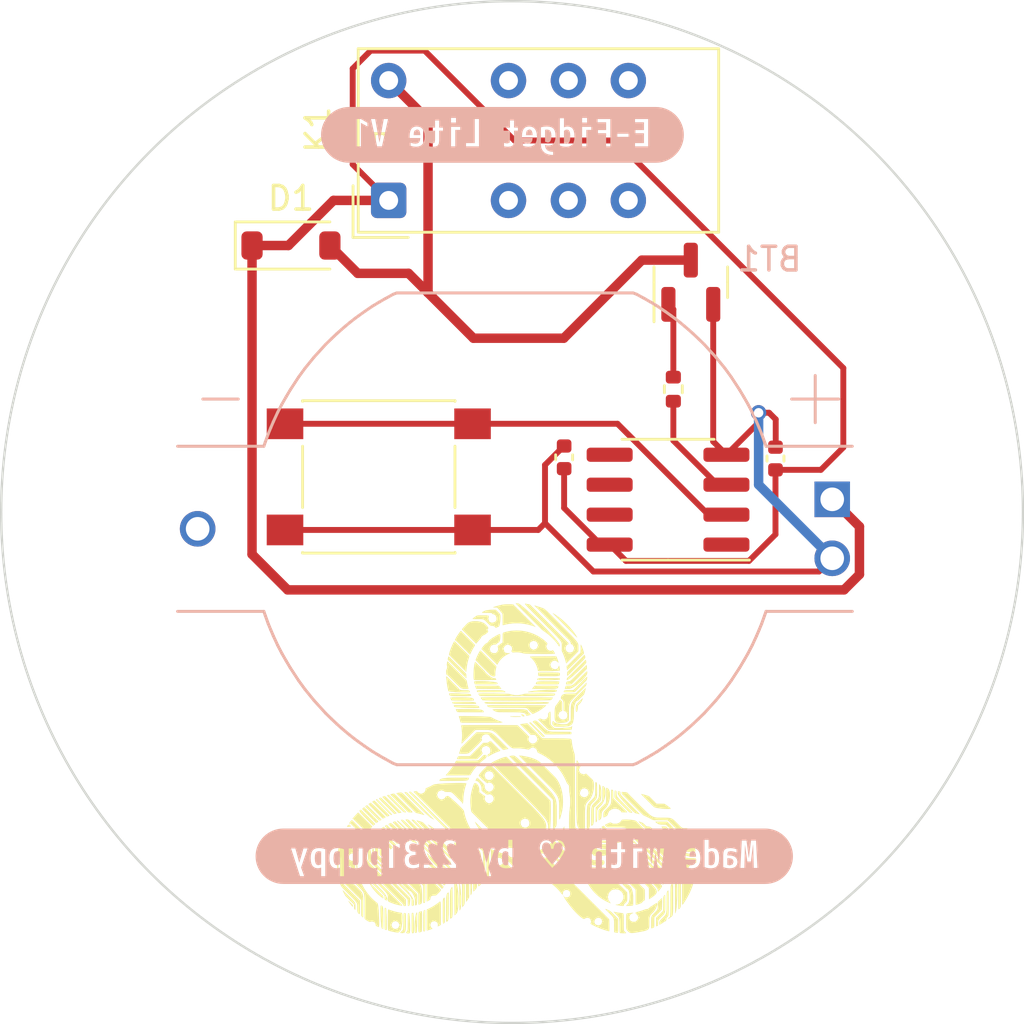
<source format=kicad_pcb>
(kicad_pcb (version 20221018) (generator pcbnew)
  (layers (0 "F.Cu" signal) (31 "B.Cu" signal) (34 "B.Paste" user) (35 "F.Paste" user) (36 "B.SilkS" user "B.Silkscreen") (37 "F.SilkS" user "F.Silkscreen") (38 "B.Mask" user) (39 "F.Mask" user) (44 "Edge.Cuts" user))
  (net 0 "")
  (net 1 "+3V3")
  (net 2 "GND")
  (net 3 "/RELAY_SIG")
  (net 11 "Net-(U1-PB3)")
  (net 15 "Net-(D1-A)")
  (net 16 "Net-(Q1-B)")
  (footprint "Capacitor_SMD:C_0402_1005Metric" (layer "F.Cu") (at 137.81 78.76 90)
    (fp_text reference "C1" hide)
    (fp_text value "0.1u")
  )
  (footprint "Package_SO:SOIC-8_3.9x4.9mm_P1.27mm" (layer "F.Cu") (at 133.255 80.505 180)
    (fp_text reference "U1" hide)
    (fp_text value "ATtiny13A-SS")
  )
  (footprint "Button_Switch_SMD:SW_Push_1P1T_NO_6x6mm_H9.5mm" (layer "F.Cu") (at 120.993 79.538)
    (fp_text reference "SW1" hide)
    (fp_text value "TL3301NF100QG")
  )
  (footprint "Package_TO_SOT_SMD:SOT-23" (layer "F.Cu") (at 134.22 71.2875 90)
    (fp_text reference "Q1" hide)
    (fp_text value "MMBT3904")
  )
  (footprint "Diode_SMD:D_SOD-123" (layer "F.Cu") (at 117.27 69.73)
    (fp_text reference "D1")
    (fp_text value "D")
  )
  (footprint "Relay_THT:Relay_DPDT_Kemet_EC2" (layer "F.Cu") (at 121.412 67.818 90)
    (fp_text reference "K1")
    (fp_text value "EE2-3NU")
  )
  (footprint "Capacitor_SMD:C_0402_1005Metric" (layer "F.Cu") (at 128.85 78.71 90)
    (fp_text reference "C2" hide)
    (fp_text value "0.1u")
  )
  (footprint "Resistor_SMD:R_0402_1005Metric" (layer "F.Cu") (at 133.48 75.82 90)
    (fp_text reference "R1" hide)
    (fp_text value "150")
  )
  (footprint "kibuzzard-6472B22C" (layer "B.Cu") (at 126.235 65.04 180)
    (fp_text reference "kibuzzard-6472B22C" hide)
    (fp_text value "G***" hide)
  )
  (footprint "kibuzzard-6472B1FB" (layer "B.Cu") (at 127.16 95.62 180)
    (fp_text reference "kibuzzard-6472B1FB" hide)
    (fp_text value "G***" hide)
  )
  (footprint "footprints:BAT_BU2032-1-HD-G" (layer "B.Cu") (at 126.765 81.74 180)
    (fp_text reference "BT1")
    (fp_text value "BU2032")
  )
  (gr_poly (pts (xy 124.647106 88.887661) (xy 124.77034 88.89095) (xy 124.820469 88.893803) (xy 124.863608 88.897624) (xy 124.900259 88.902536) (xy 124.930923 88.908659) (xy 124.956101 88.916117) (xy 124.976295 88.925031) (xy 124.992007 88.935522) (xy 125.003738 88.947714) (xy 125.011989 88.961728) (xy 125.017261 88.977685) (xy 125.020057 88.995709) (xy 125.020878 89.01592) (xy 124.98062 89.018517) (xy 124.874426 89.020052) (xy 124.551706 89.020301) (xy 124.227673 89.017386) (xy 124.119839 89.014968) (xy 124.077284 89.01203) (xy 124.077285 89.012034) (xy 124.075314 89.009101) (xy 124.072781 89.004469) (xy 124.066409 88.991069) (xy 124.058931 88.973763) (xy 124.051107 88.954479) (xy 124.043697 88.935146) (xy 124.037462 88.917691) (xy 124.033164 88.904044) (xy 124.031978 88.89925) (xy 124.031562 88.896131) (xy 124.031743 88.895387) (xy 124.032319 88.894683) (xy 124.033344 88.894017) (xy 124.034867 88.893389) (xy 124.036941 88.892798) (xy 124.039618 88.892242) (xy 124.042949 88.89172) (xy 124.046986 88.891232) (xy 124.057383 88.890351) (xy 124.071223 88.889591) (xy 124.08892 88.888944) (xy 124.110886 88.8884) (xy 124.137534 88.887952) (xy 124.169279 88.887591) (xy 124.249707 88.887096) (xy 124.355478 88.886849) (xy 124.489896 88.886781)) (stroke (width 0.006341)) (fill solid) (layer "F.SilkS"))
  (gr_poly (pts (xy 127.920177 88.888337) (xy 128.369334 88.892074) (xy 128.369214 88.892775) (xy 128.368862 88.893782) (xy 128.367498 88.896661) (xy 128.36532 88.900597) (xy 128.362404 88.905475) (xy 128.354674 88.917605) (xy 128.344928 88.932143) (xy 128.333789 88.948179) (xy 128.321876 88.964803) (xy 128.309813 88.981107) (xy 128.298219 88.996179) (xy 128.167148 89.007163) (xy 127.837346 89.015524) (xy 126.846249 89.023799) (xy 125.85432 89.019849) (xy 125.52348 89.012929) (xy 125.390954 89.002519) (xy 125.390954 89.002524) (xy 125.387175 88.99825) (xy 125.382686 88.99284) (xy 125.372069 88.979305) (xy 125.360092 88.96331) (xy 125.347743 88.946241) (xy 125.33601 88.929487) (xy 125.325881 88.914435) (xy 125.318346 88.902475) (xy 125.31586 88.898088) (xy 125.314392 88.894993) (xy 125.315 88.89438) (xy 125.317388 88.893797) (xy 125.328011 88.892717) (xy 125.376156 88.890884) (xy 125.466868 88.889451) (xy 125.608184 88.888376) (xy 126.074789 88.887124) (xy 126.840288 88.886783)) (stroke (width 0.006341)) (fill solid) (layer "F.SilkS"))
  (gr_poly (pts (xy 129.404763 91.562934) (xy 129.421115 91.591563) (xy 129.443172 91.633145) (xy 129.466639 91.676043) (xy 129.488711 91.715204) (xy 129.506585 91.745574) (xy 129.519486 91.767189) (xy 129.524778 91.776516) (xy 129.529316 91.784924) (xy 129.533113 91.792463) (xy 129.536184 91.799184) (xy 129.53854 91.805138) (xy 129.540197 91.810375) (xy 129.541167 91.814946) (xy 129.541464 91.818901) (xy 129.541365 91.820664) (xy 129.541102 91.822292) (xy 129.540678 91.823792) (xy 129.540094 91.825169) (xy 129.539352 91.826431) (xy 129.538454 91.827583) (xy 129.537401 91.828632) (xy 129.536196 91.829584) (xy 129.533332 91.831223) (xy 129.529877 91.832551) (xy 129.528585 91.833004) (xy 129.527328 91.83353) (xy 129.526115 91.834122) (xy 129.524951 91.834775) (xy 129.523843 91.835482) (xy 129.522797 91.836236) (xy 129.52182 91.837032) (xy 129.520918 91.837862) (xy 129.520098 91.83872) (xy 129.519367 91.8396) (xy 129.51873 91.840496) (xy 129.518194 91.8414) (xy 129.517766 91.842308) (xy 129.517595 91.842761) (xy 129.517453 91.843211) (xy 129.517341 91.84366) (xy 129.51726 91.844105) (xy 129.517211 91.844546) (xy 129.517194 91.844982) (xy 129.517182 91.845417) (xy 129.517145 91.845857) (xy 129.517084 91.846299) (xy 129.517 91.846744) (xy 129.516893 91.847191) (xy 129.516765 91.847638) (xy 129.516444 91.848533) (xy 129.516042 91.849421) (xy 129.515564 91.850298) (xy 129.515015 91.851156) (xy 129.5144 91.85199) (xy 129.513724 91.852794) (xy 129.512992 91.85356) (xy 129.512207 91.854284) (xy 129.511377 91.854958) (xy 129.510504 91.855577) (xy 129.509595 91.856134) (xy 129.508653 91.856624) (xy 129.508172 91.856841) (xy 129.507685 91.85704) (xy 129.507086 91.857296) (xy 129.506507 91.857598) (xy 129.505948 91.857946) (xy 129.50541 91.85834) (xy 129.504892 91.858779) (xy 129.504393 91.859265) (xy 129.503915 91.859798) (xy 129.503457 91.860378) (xy 129.503018 91.861005) (xy 129.502599 91.86168) (xy 129.502199 91.862403) (xy 129.501819 91.863175) (xy 129.501459 91.863994) (xy 129.501118 91.864863) (xy 129.500795 91.865781) (xy 129.500493 91.866748) (xy 129.500209 91.867765) (xy 129.499944 91.868833) (xy 129.499698 91.86995) (xy 129.49947 91.871119) (xy 129.499262 91.872338) (xy 129.499072 91.873609) (xy 129.498747 91.876305) (xy 129.498496 91.87921) (xy 129.498317 91.882327) (xy 129.498211 91.885657) (xy 129.498175 91.889204) (xy 129.498141 91.893172) (xy 129.498032 91.896829) (xy 129.497844 91.900191) (xy 129.497571 91.903274) (xy 129.497206 91.906095) (xy 129.496745 91.90867) (xy 129.49618 91.911015) (xy 129.495507 91.913148) (xy 129.494718 91.915084) (xy 129.493809 91.916839) (xy 129.492774 91.918431) (xy 129.491606 91.919876) (xy 129.490299 91.921189) (xy 129.488849 91.922387) (xy 129.487248 91.923488) (xy 129.485492 91.924506) (xy 129.484597 91.925004) (xy 129.483742 91.925521) (xy 129.482926 91.926058) (xy 129.482147 91.926618) (xy 129.481406 91.927202) (xy 129.4807 91.927812) (xy 129.480031 91.928451) (xy 129.479396 91.929121) (xy 129.478796 91.929822) (xy 129.478229 91.930558) (xy 129.477695 91.93133) (xy 129.477193 91.932141) (xy 129.476723 91.932991) (xy 129.476283 91.933884) (xy 129.475873 91.93482) (xy 129.475493 91.935803) (xy 129.475141 91.936834) (xy 129.474817 91.937914) (xy 129.47452 91.939047) (xy 129.47425 91.940233) (xy 129.474005 91.941475) (xy 129.473785 91.942775) (xy 129.47359 91.944135) (xy 129.473418 91.945556) (xy 129.473269 91.947042) (xy 129.473142 91.948592) (xy 129.472952 91.951899) (xy 129.472842 91.955491) (xy 129.472807 91.959385) (xy 129.472842 91.963279) (xy 129.472952 91.966872) (xy 129.473142 91.970178) (xy 129.473417 91.973214) (xy 129.473784 91.975995) (xy 129.474248 91.978538) (xy 129.474815 91.980857) (xy 129.475491 91.982968) (xy 129.476281 91.984887) (xy 129.477191 91.98663) (xy 129.478227 91.988213) (xy 129.479394 91.98965) (xy 129.480699 91.990959) (xy 129.482146 91.992153) (xy 129.483742 91.99325) (xy 129.485492 91.994265) (xy 129.48639 91.994765) (xy 129.487249 91.995283) (xy 129.488069 91.995822) (xy 129.48885 91.996383) (xy 129.489594 91.996969) (xy 129.490302 91.997581) (xy 129.490973 91.998223) (xy 129.491608 91.998894) (xy 129.492209 91.999599) (xy 129.492776 92.000339) (xy 129.49331 92.001115) (xy 129.493812 92.001931) (xy 129.494282 92.002787) (xy 129.494721 92.003686) (xy 129.495129 92.004631) (xy 129.495509 92.005623) (xy 129.495859 92.006663) (xy 129.496182 92.007755) (xy 129.496477 92.008901) (xy 129.496746 92.010101) (xy 129.49699 92.011359) (xy 129.497208 92.012676) (xy 129.497402 92.014055) (xy 129.497572 92.015497) (xy 129.497719 92.017005) (xy 129.497845 92.018581) (xy 129.498032 92.021943) (xy 129.498141 92.025599) (xy 129.498175 92.029568) (xy 129.498211 92.033114) (xy 129.498318 92.036445) (xy 129.498496 92.039562) (xy 129.498747 92.042467) (xy 129.499072 92.045164) (xy 129.499471 92.047654) (xy 129.499944 92.049941) (xy 129.500493 92.052025) (xy 129.501118 92.053911) (xy 129.50182 92.055599) (xy 129.5026 92.057094) (xy 129.503457 92.058396) (xy 129.504394 92.059508) (xy 129.50541 92.060434) (xy 129.506507 92.061175) (xy 129.507685 92.061733) (xy 129.508172 92.061932) (xy 129.508654 92.062151) (xy 129.509128 92.06239) (xy 129.509595 92.062647) (xy 129.510054 92.062923) (xy 129.510505 92.063215) (xy 129.511377 92.063849) (xy 129.512208 92.064541) (xy 129.512992 92.065286) (xy 129.513725 92.066077) (xy 129.514401 92.066908) (xy 129.515016 92.067773) (xy 129.515564 92.068664) (xy 129.516042 92.069576) (xy 129.516253 92.070037) (xy 129.516444 92.070501) (xy 129.516615 92.070968) (xy 129.516765 92.071435) (xy 129.516893 92.071903) (xy 129.517 92.07237) (xy 129.517084 92.072836) (xy 129.517145 92.0733) (xy 129.517182 92.073761) (xy 129.517194 92.074218) (xy 129.517225 92.075118) (xy 129.517317 92.075993) (xy 129.517467 92.076837) (xy 129.517671 92.077648) (xy 129.517926 92.078419) (xy 129.51823 92.079148) (xy 129.518579 92.079828) (xy 129.518969 92.080455) (xy 129.519399 92.081026) (xy 129.519864 92.081536) (xy 129.520109 92.081766) (xy 129.520362 92.081979) (xy 129.520622 92.082174) (xy 129.52089 92.082352) (xy 129.521164 92.08251) (xy 129.521444 92.08265) (xy 129.52173 92.082769) (xy 129.522021 92.082868) (xy 129.522318 92.082946) (xy 129.522619 92.083002) (xy 129.522924 92.083037) (xy 129.523233 92.083048) (xy 129.523571 92.083077) (xy 129.52396 92.083163) (xy 129.524399 92.083305) (xy 129.524886 92.083501) (xy 129.525997 92.084051) (xy 129.527278 92.0848) (xy 129.528716 92.085738) (xy 129.530297 92.086853) (xy 129.532006 92.088134) (xy 129.533829 92.089569) (xy 129.535752 92.091147) (xy 129.537761 92.092857) (xy 129.539841 92.094688) (xy 129.54198 92.096627) (xy 129.544161 92.098664) (xy 129.546373 92.100787) (xy 129.548599 92.102984) (xy 129.550826 92.105245) (xy 129.554057 92.108514) (xy 129.5571 92.111459) (xy 129.559988 92.114097) (xy 129.562755 92.116443) (xy 129.565434 92.118512) (xy 129.568059 92.12032) (xy 129.570662 92.121882) (xy 129.571966 92.122576) (xy 129.573277 92.123214) (xy 129.5746 92.123798) (xy 129.575938 92.124331) (xy 129.577296 92.124814) (xy 129.578677 92.125249) (xy 129.581529 92.125983) (xy 129.584526 92.126549) (xy 129.587703 92.126962) (xy 129.591092 92.127238) (xy 129.594726 92.127393) (xy 129.598639 92.127441) (xy 129.602154 92.12748) (xy 129.605435 92.127601) (xy 129.608492 92.127809) (xy 129.611337 92.128106) (xy 129.61398 92.128496) (xy 129.616433 92.128985) (xy 129.618704 92.129575) (xy 129.620807 92.130271) (xy 129.622751 92.131077) (xy 129.624547 92.131996) (xy 129.626205 92.133033) (xy 129.627738 92.134192) (xy 129.629154 92.135476) (xy 129.630466 92.136891) (xy 129.631684 92.138438) (xy 129.632819 92.140124) (xy 129.634084 92.141836) (xy 129.635658 92.143435) (xy 129.637521 92.144921) (xy 129.639653 92.146294) (xy 129.642034 92.147555) (xy 129.644645 92.148704) (xy 129.647466 92.14974) (xy 129.650478 92.150664) (xy 129.656994 92.152176) (xy 129.664035 92.153241) (xy 129.671444 92.15386) (xy 129.679064 92.154033) (xy 129.686736 92.153763) (xy 129.694305 92.15305) (xy 129.701611 92.151894) (xy 129.708498 92.150298) (xy 129.714809 92.148262) (xy 129.717698 92.147079) (xy 129.720385 92.145786) (xy 129.722848 92.144385) (xy 129.725069 92.142874) (xy 129.727027 92.141253) (xy 129.728704 92.139524) (xy 129.730044 92.138036) (xy 129.731427 92.136651) (xy 129.732847 92.135373) (xy 129.734298 92.134204) (xy 129.735776 92.133145) (xy 129.737275 92.132199) (xy 129.738791 92.131367) (xy 129.740318 92.130653) (xy 129.741851 92.130059) (xy 129.743385 92.129585) (xy 129.744915 92.129236) (xy 129.746436 92.129013) (xy 129.747942 92.128917) (xy 129.748688 92.128919) (xy 129.749429 92.128953) (xy 129.750163 92.12902) (xy 129.750891 92.12912) (xy 129.751611 92.129254) (xy 129.752324 92.129423) (xy 129.753706 92.129728) (xy 129.755078 92.129922) (xy 129.756435 92.130006) (xy 129.757772 92.129982) (xy 129.759084 92.129854) (xy 129.760366 92.129622) (xy 129.761613 92.129289) (xy 129.76282 92.128858) (xy 129.763982 92.12833) (xy 129.765094 92.127708) (xy 129.766151 92.126993) (xy 129.767148 92.126188) (xy 129.768081 92.125296) (xy 129.768943 92.124317) (xy 129.769731 92.123255) (xy 129.770439 92.122112) (xy 129.770935 92.121363) (xy 129.771515 92.120756) (xy 129.771838 92.120508) (xy 129.772186 92.120299) (xy 129.772559 92.12013) (xy 129.772958 92.120001) (xy 129.773385 92.119913) (xy 129.773841 92.119868) (xy 129.774844 92.119909) (xy 129.775976 92.120131) (xy 129.777246 92.120542) (xy 129.778664 92.121149) (xy 129.780239 92.12196) (xy 129.781981 92.122983) (xy 129.783898 92.124225) (xy 129.786 92.125695) (xy 129.788296 92.1274) (xy 129.790797 92.129347) (xy 129.79351 92.131544) (xy 129.796445 92.133999) (xy 129.799612 92.136719) (xy 129.806678 92.142988) (xy 129.814782 92.15041) (xy 129.823998 92.159049) (xy 129.834401 92.168964) (xy 129.846066 92.180218) (xy 129.859067 92.192871) (xy 129.873478 92.206986) (xy 129.915831 92.247913) (xy 129.959326 92.288838) (xy 129.998852 92.325013) (xy 130.015529 92.339836) (xy 130.029296 92.351691) (xy 130.043232 92.365193) (xy 130.055838 92.381036) (xy 130.067133 92.399078) (xy 130.077136 92.419175) (xy 130.085865 92.441187) (xy 130.093341 92.464969) (xy 130.099583 92.490379) (xy 130.104608 92.517275) (xy 130.11109 92.574952) (xy 130.11294 92.636858) (xy 130.110311 92.701851) (xy 130.103356 92.768791) (xy 130.092229 92.836535) (xy 130.077083 92.903943) (xy 130.058071 92.969872) (xy 130.035346 93.033181) (xy 130.009062 93.092728) (xy 129.994634 93.120734) (xy 129.979373 93.147372) (xy 129.963298 93.172499) (xy 129.94643 93.195972) (xy 129.928787 93.217648) (xy 129.910388 93.237385) (xy 129.879131 93.268696) (xy 129.851776 93.296946) (xy 129.839481 93.310263) (xy 129.828063 93.323223) (xy 129.81749 93.335962) (xy 129.807731 93.348616) (xy 129.798752 93.361322) (xy 129.79052 93.374215) (xy 129.783004 93.387432) (xy 129.776171 93.401109) (xy 129.769988 93.415381) (xy 129.764422 93.430386) (xy 129.759442 93.446259) (xy 129.755015 93.463136) (xy 129.751108 93.481154) (xy 129.747689 93.500448) (xy 129.744725 93.521155) (xy 129.742183 93.54341) (xy 129.740032 93.567351) (xy 129.738238 93.593112) (xy 129.736769 93.620831) (xy 129.735594 93.650644) (xy 129.73399 93.717093) (xy 129.733166 93.793549) (xy 129.732819 93.980838) (xy 129.73313 94.308538) (xy 129.73531 94.478589) (xy 129.737684 94.521601) (xy 129.741226 94.545727) (xy 129.743508 94.552845) (xy 129.746169 94.557808) (xy 129.752746 94.564686) (xy 129.754651 94.566386) (xy 129.756413 94.56803) (xy 129.758028 94.569632) (xy 129.75949 94.571205) (xy 129.760793 94.572762) (xy 129.761934 94.574319) (xy 129.762907 94.575888) (xy 129.763707 94.577484) (xy 129.764328 94.57912) (xy 129.764766 94.580809) (xy 129.765016 94.582567) (xy 129.765072 94.584405) (xy 129.76493 94.586339) (xy 129.764585 94.588381) (xy 129.76403 94.590546) (xy 129.763262 94.592847) (xy 129.762275 94.595298) (xy 129.761064 94.597913) (xy 129.759625 94.600706) (xy 129.757951 94.60369) (xy 129.756038 94.606879) (xy 129.753881 94.610286) (xy 129.751475 94.613927) (xy 129.748814 94.617813) (xy 129.745894 94.62196) (xy 129.742709 94.62638) (xy 129.735526 94.636097) (xy 129.727225 94.647074) (xy 129.717763 94.659421) (xy 129.71679 94.660789) (xy 129.715949 94.662131) (xy 129.714492 94.664581) (xy 129.71379 94.665614) (xy 129.713047 94.666468) (xy 129.712646 94.666816) (xy 129.71222 94.667105) (xy 129.711761 94.66733) (xy 129.711266 94.667487) (xy 129.710728 94.667571) (xy 129.710142 94.667577) (xy 129.709502 94.6675) (xy 129.708804 94.667336) (xy 129.708042 94.66708) (xy 129.70721 94.666726) (xy 129.705315 94.665711) (xy 129.703078 94.664251) (xy 129.700454 94.662308) (xy 129.6974 94.659846) (xy 129.693873 94.656825) (xy 129.689829 94.653209) (xy 129.685227 94.648958) (xy 129.680021 94.644036) (xy 129.674169 94.638404) (xy 129.660354 94.624858) (xy 129.643436 94.608019) (xy 129.598906 94.563243) (xy 129.537809 94.501649) (xy 129.537806 94.501631) (xy 129.508502 94.471769) (xy 129.495238 94.457585) (xy 129.482857 94.443513) (xy 129.47133 94.429261) (xy 129.460627 94.414539) (xy 129.450716 94.399057) (xy 129.441567 94.382524) (xy 129.43315 94.364649) (xy 129.425434 94.345143) (xy 129.418389 94.323714) (xy 129.411984 94.300072) (xy 129.40619 94.273927) (xy 129.400975 94.244988) (xy 129.396309 94.212965) (xy 129.392161 94.177567) (xy 129.388502 94.138504) (xy 129.3853 94.095485) (xy 129.382526 94.04822) (xy 129.380148 93.996418) (xy 129.378136 93.939789) (xy 129.376461 93.878042) (xy 129.375091 93.810887) (xy 129.373995 93.738034) (xy 129.372508 93.574069) (xy 129.371755 93.383823) (xy 129.371506 92.964934) (xy 129.51323 92.964934) (xy 129.513772 92.973185) (xy 129.515023 92.98072) (xy 129.517015 92.987461) (xy 129.519781 92.993328) (xy 129.523353 92.998244) (xy 129.527763 93.00213) (xy 129.533043 93.004907) (xy 129.533531 93.005113) (xy 129.534013 93.005354) (xy 129.534489 93.005629) (xy 129.534958 93.005936) (xy 129.535419 93.006275) (xy 129.535872 93.006644) (xy 129.536317 93.007041) (xy 129.536752 93.007467) (xy 129.537177 93.007919) (xy 129.537591 93.008397) (xy 129.537994 93.0089) (xy 129.538385 93.009425) (xy 129.538764 93.009973) (xy 129.539129 93.010541) (xy 129.539481 93.01113) (xy 129.539818 93.011736) (xy 129.540141 93.012361) (xy 129.540448 93.013001) (xy 129.540738 93.013657) (xy 129.541012 93.014326) (xy 129.541268 93.015009) (xy 129.541506 93.015703) (xy 129.541725 93.016407) (xy 129.541925 93.017121) (xy 129.542105 93.017842) (xy 129.542265 93.018571) (xy 129.542403 93.019306) (xy 129.542519 93.020045) (xy 129.542613 93.020788) (xy 129.542684 93.021533) (xy 129.542731 93.022279) (xy 129.542754 93.023025) (xy 129.542847 93.024505) (xy 129.543084 93.026086) (xy 129.543457 93.027759) (xy 129.543959 93.029513) (xy 129.545319 93.033228) (xy 129.547107 93.037153) (xy 129.549262 93.041211) (xy 129.551725 93.045324) (xy 129.554438 93.049414) (xy 129.557341 93.053404) (xy 129.560374 93.057215) (xy 129.563479 93.060771) (xy 129.566597 93.063992) (xy 129.569668 93.066802) (xy 129.572632 93.069123) (xy 129.574057 93.070076) (xy 129.575432 93.070877) (xy 129.576752 93.071517) (xy 129.578008 93.071987) (xy 129.579193 93.072275) (xy 129.5803 93.072374) (xy 129.580641 93.072386) (xy 129.580978 93.072423) (xy 129.58131 93.072484) (xy 129.581637 93.072568) (xy 129.581958 93.072675) (xy 129.582273 93.072803) (xy 129.582581 93.072953) (xy 129.582883 93.073124) (xy 129.583178 93.073315) (xy 129.583464 93.073526) (xy 129.583743 93.073756) (xy 129.584012 93.074004) (xy 129.584273 93.07427) (xy 129.584525 93.074553) (xy 129.584766 93.074852) (xy 129.584997 93.075168) (xy 129.585218 93.075498) (xy 129.585427 93.075844) (xy 129.585625 93.076203) (xy 129.585811 93.076576) (xy 129.585984 93.076962) (xy 129.586145 93.07736) (xy 129.586292 93.07777) (xy 129.586425 93.078191) (xy 129.586545 93.078623) (xy 129.58665 93.079064) (xy 129.586739 93.079514) (xy 129.586814 93.079973) (xy 129.586873 93.08044) (xy 129.586915 93.080915) (xy 129.586941 93.081396) (xy 129.58695 93.081883) (xy 129.586968 93.082468) (xy 129.587024 93.083035) (xy 129.587117 93.083583) (xy 129.587247 93.084112) (xy 129.587414 93.084623) (xy 129.587618 93.085115) (xy 129.587859 93.085589) (xy 129.588138 93.086044) (xy 129.588453 93.08648) (xy 129.588806 93.086898) (xy 129.589195 93.087297) (xy 129.589622 93.087678) (xy 129.590085 93.08804) (xy 129.590586 93.088384) (xy 129.591124 93.088709) (xy 129.591698 93.089015) (xy 129.59231 93.089303) (xy 129.592959 93.089572) (xy 129.593645 93.089823) (xy 129.594367 93.090055) (xy 129.595127 93.090269) (xy 129.595924 93.090464) (xy 129.596757 93.09064) (xy 129.597628 93.090798) (xy 129.598535 93.090937) (xy 129.59948 93.091058) (xy 129.600461 93.09116) (xy 129.601479 93.091244) (xy 129.602534 93.091309) (xy 129.603626 93.091355) (xy 129.604755 93.091383) (xy 129.605921 93.091392) (xy 129.608162 93.091446) (xy 129.610344 93.091605) (xy 129.612464 93.091869) (xy 129.614518 93.092236) (xy 129.616503 93.092704) (xy 129.618416 93.093272) (xy 129.620253 93.093937) (xy 129.622011 93.094699) (xy 129.623686 93.095556) (xy 129.625275 93.096506) (xy 129.626775 93.097548) (xy 129.628182 93.09868) (xy 129.629493 93.099901) (xy 129.630704 93.101208) (xy 129.631812 93.102601) (xy 129.632814 93.104077) (xy 129.634103 93.105562) (xy 129.636036 93.106972) (xy 129.63857 93.108305) (xy 129.641658 93.10956) (xy 129.64932 93.11183) (xy 129.658663 93.113774) (xy 129.669327 93.11538) (xy 129.680951 93.116639) (xy 129.693175 93.117541) (xy 129.705641 93.118075) (xy 129.717988 93.118233) (xy 129.729857 93.118003) (xy 129.740887 93.117375) (xy 129.750718 93.116341) (xy 129.758991 93.114888) (xy 129.765346 93.113009) (xy 129.767691 93.111905) (xy 129.769423 93.110691) (xy 129.770494 93.109366) (xy 129.770861 93.107927) (xy 129.770866 93.107928) (xy 129.770905 93.107025) (xy 129.77102 93.106139) (xy 129.771211 93.105272) (xy 129.771476 93.104424) (xy 129.771814 93.103596) (xy 129.772223 93.102789) (xy 129.772701 93.102004) (xy 129.773248 93.10124) (xy 129.773862 93.100499) (xy 129.774542 93.099782) (xy 129.775286 93.099089) (xy 129.776093 93.098421) (xy 129.776961 93.097779) (xy 129.77789 93.097163) (xy 129.778877 93.096574) (xy 129.779921 93.096013) (xy 129.781021 93.09548) (xy 129.782176 93.094977) (xy 129.783384 93.094504) (xy 129.784644 93.094061) (xy 129.785954 93.093649) (xy 129.787313 93.09327) (xy 129.78872 93.092923) (xy 129.790173 93.09261) (xy 129.791671 93.092331) (xy 129.793212 93.092087) (xy 129.794795 93.091879) (xy 129.796419 93.091707) (xy 129.798082 93.091572) (xy 129.799783 93.091474) (xy 129.80152 93.091415) (xy 129.803293 93.091395) (xy 129.804571 93.091346) (xy 129.80585 93.091201) (xy 129.807123 93.090966) (xy 129.808381 93.090645) (xy 129.809615 93.090243) (xy 129.810818 93.089765) (xy 129.811982 93.089217) (xy 129.813097 93.088602) (xy 129.814156 93.087926) (xy 129.815151 93.087193) (xy 129.816073 93.086409) (xy 129.816915 93.085578) (xy 129.817667 93.084706) (xy 129.818322 93.083796) (xy 129.818872 93.082855) (xy 129.819105 93.082374) (xy 129.819308 93.081886) (xy 129.819507 93.081399) (xy 129.819726 93.080917) (xy 129.819965 93.080443) (xy 129.820222 93.079976) (xy 129.820497 93.079517) (xy 129.82079 93.079066) (xy 129.821423 93.078194) (xy 129.822114 93.077363) (xy 129.822859 93.076579) (xy 129.823649 93.075846) (xy 129.82448 93.07517) (xy 129.825344 93.074555) (xy 129.826235 93.074006) (xy 129.827146 93.073529) (xy 129.827608 93.073318) (xy 129.828073 93.073127) (xy 129.828539 93.072956) (xy 129.829007 93.072806) (xy 129.829475 93.072678) (xy 129.829942 93.072571) (xy 129.830409 93.072487) (xy 129.830873 93.072426) (xy 129.831335 93.072389) (xy 129.831793 93.072377) (xy 129.832246 93.072367) (xy 129.832693 93.072339) (xy 129.833134 93.072293) (xy 129.833568 93.072229) (xy 129.833994 93.072148) (xy 129.834412 93.072051) (xy 129.834822 93.071937) (xy 129.835223 93.071807) (xy 129.835994 93.071502) (xy 129.836723 93.071139) (xy 129.837069 93.070937) (xy 129.837403 93.070722) (xy 129.837723 93.070494) (xy 129.83803 93.070254) (xy 129.838323 93.070003) (xy 129.838601 93.06974) (xy 129.838864 93.069467) (xy 129.839111 93.069184) (xy 129.839341 93.06889) (xy 129.839554 93.068587) (xy 129.839749 93.068276) (xy 129.839927 93.067956) (xy 129.840085 93.067628) (xy 129.840225 93.067292) (xy 129.840344 93.06695) (xy 129.840443 93.0666) (xy 129.840521 93.066245) (xy 129.840577 93.065884) (xy 129.840612 93.065518) (xy 129.840623 93.065147) (xy 129.840638 93.064767) (xy 129.84068 93.06437) (xy 129.840751 93.063958) (xy 129.840849 93.063532) (xy 129.841122 93.062641) (xy 129.841495 93.061705) (xy 129.841961 93.060733) (xy 129.842516 93.059731) (xy 129.843154 93.058707) (xy 129.843868 93.057671) (xy 129.844654 93.056628) (xy 129.845506 93.055588) (xy 129.846417 93.054559) (xy 129.847383 93.053547) (xy 129.848397 93.052561) (xy 129.849455 93.051609) (xy 129.85055 93.050699) (xy 129.851677 93.049838) (xy 129.852806 93.048972) (xy 129.853911 93.048043) (xy 129.854985 93.047061) (xy 129.856021 93.046034) (xy 129.857015 93.04497) (xy 129.85796 93.043878) (xy 129.85885 93.042766) (xy 129.859679 93.041643) (xy 129.860441 93.040518) (xy 129.861129 93.039399) (xy 129.861739 93.038294) (xy 129.862264 93.037212) (xy 129.862698 93.036162) (xy 129.863035 93.035151) (xy 129.863269 93.034189) (xy 129.863345 93.033729) (xy 129.863394 93.033284) (xy 129.865023 93.013714) (xy 129.865083 93.013146) (xy 129.865166 93.012585) (xy 129.865273 93.012031) (xy 129.865403 93.011486) (xy 129.865555 93.010951) (xy 129.865728 93.010425) (xy 129.865922 93.00991) (xy 129.866137 93.009407) (xy 129.86637 93.008916) (xy 129.866623 93.008437) (xy 129.866893 93.007973) (xy 129.86718 93.007522) (xy 129.867805 93.006667) (xy 129.86814 93.006264) (xy 129.86849 93.005878) (xy 129.868854 93.00551) (xy 129.86923 93.00516) (xy 129.86962 93.00483) (xy 129.870021 93.00452) (xy 129.870433 93.00423) (xy 129.870856 93.003962) (xy 129.871288 93.003716) (xy 129.871729 93.003493) (xy 129.872179 93.003293) (xy 129.872636 93.003118) (xy 129.873101 93.002968) (xy 129.873571 93.002843) (xy 129.874047 93.002745) (xy 129.874528 93.002674) (xy 129.875013 93.002631) (xy 129.875502 93.002617) (xy 129.877601 93.002185) (xy 129.879502 93.000924) (xy 129.881209 92.998884) (xy 129.882726 92.996115) (xy 129.884055 92.992669) (xy 129.885202 92.988596) (xy 129.88696 92.978772) (xy 129.88803 92.967048) (xy 129.888441 92.95383) (xy 129.888223 92.939523) (xy 129.887405 92.924532) (xy 129.886017 92.909263) (xy 129.884088 92.89412) (xy 129.881649 92.87951) (xy 129.878727 92.865837) (xy 129.875354 92.853507) (xy 129.871559 92.842925) (xy 129.869512 92.838417) (xy 129.86737 92.834497) (xy 129.865138 92.831217) (xy 129.862819 92.828628) (xy 129.860189 92.82608) (xy 129.857718 92.823546) (xy 129.855407 92.821028) (xy 129.853257 92.818529) (xy 129.851271 92.816053) (xy 129.849449 92.8136) (xy 129.847793 92.811175) (xy 129.846304 92.808779) (xy 129.844985 92.806416) (xy 129.843837 92.804088) (xy 129.842861 92.801798) (xy 129.842059 92.799547) (xy 129.841432 92.79734) (xy 129.840983 92.795178) (xy 129.840712 92.793065) (xy 129.840622 92.791003) (xy 129.840587 92.788466) (xy 129.840473 92.786192) (xy 129.840264 92.784168) (xy 129.84012 92.783246) (xy 129.839945 92.78238) (xy 129.83974 92.78157) (xy 129.839501 92.780814) (xy 129.839227 92.78011) (xy 129.838915 92.779456) (xy 129.838565 92.778851) (xy 129.838173 92.778293) (xy 129.837739 92.77778) (xy 129.837259 92.777311) (xy 129.836733 92.776883) (xy 129.836158 92.776495) (xy 129.835532 92.776146) (xy 129.834854 92.775833) (xy 129.834121 92.775555) (xy 129.833332 92.775311) (xy 129.832484 92.775098) (xy 129.831577 92.774914) (xy 129.830606 92.774759) (xy 129.829572 92.77463) (xy 129.827303 92.774443) (xy 129.824755 92.774342) (xy 129.821911 92.774311) (xy 129.819979 92.774266) (xy 129.818049 92.774135) (xy 129.816134 92.773922) (xy 129.814246 92.773631) (xy 129.812397 92.773266) (xy 129.8106 92.772833) (xy 129.808866 92.772336) (xy 129.807207 92.771778) (xy 129.805637 92.771165) (xy 129.804166 92.770501) (xy 129.802808 92.769791) (xy 129.801575 92.769038) (xy 129.800478 92.768247) (xy 129.79953 92.767422) (xy 129.798743 92.766569) (xy 129.798129 92.765691) (xy 129.797828 92.765245) (xy 129.797451 92.764796) (xy 129.796999 92.764344) (xy 129.796476 92.763891) (xy 129.795882 92.763437) (xy 129.795222 92.762983) (xy 129.793707 92.762077) (xy 129.791951 92.761181) (xy 129.789972 92.7603) (xy 129.787787 92.75944) (xy 129.785417 92.758608) (xy 129.782879 92.757809) (xy 129.780192 92.75705) (xy 129.777374 92.756337) (xy 129.774445 92.755677) (xy 129.771421 92.755074) (xy 129.768323 92.754536) (xy 129.765169 92.754069) (xy 129.761976 92.753678) (xy 129.758442 92.75325) (xy 129.755035 92.752752) (xy 129.751764 92.752187) (xy 129.748635 92.751557) (xy 129.745658 92.750867) (xy 129.74284 92.750119) (xy 129.74019 92.749315) (xy 129.737715 92.748459) (xy 129.735423 92.747555) (xy 129.733323 92.746604) (xy 129.731423 92.74561) (xy 129.72973 92.744576) (xy 129.728253 92.743505) (xy 129.726999 92.7424) (xy 129.725978 92.741263) (xy 129.725196 92.740099) (xy 129.724446 92.73894) (xy 129.723538 92.737849) (xy 129.722485 92.736827) (xy 129.721299 92.735873) (xy 129.719991 92.734988) (xy 129.718573 92.734174) (xy 129.717057 92.733429) (xy 129.715455 92.732754) (xy 129.713778 92.73215) (xy 129.71204 92.731618) (xy 129.708424 92.730767) (xy 129.704701 92.730207) (xy 129.700966 92.729938) (xy 129.697315 92.729965) (xy 129.693842 92.730291) (xy 129.692202 92.730566) (xy 129.690643 92.730918) (xy 129.689175 92.731346) (xy 129.687812 92.73185) (xy 129.686565 92.732431) (xy 129.685445 92.73309) (xy 129.684465 92.733827) (xy 129.683637 92.734641) (xy 129.682972 92.735535) (xy 129.682482 92.736507) (xy 129.682179 92.737558) (xy 129.682076 92.738689) (xy 129.682021 92.739585) (xy 129.681858 92.740463) (xy 129.681588 92.741323) (xy 129.681213 92.742164) (xy 129.680735 92.742984) (xy 129.680156 92.743785) (xy 129.679478 92.744564) (xy 129.678703 92.745321) (xy 129.677833 92.746055) (xy 129.676868 92.746767) (xy 129.675813 92.747455) (xy 129.674667 92.748118) (xy 129.673434 92.748756) (xy 129.672114 92.749368) (xy 129.670711 92.749953) (xy 129.669225 92.750512) (xy 129.667659 92.751042) (xy 129.666014 92.751544) (xy 129.664292 92.752017) (xy 129.662496 92.752459) (xy 129.660627 92.752872) (xy 129.658687 92.753253) (xy 129.656677 92.753602) (xy 129.654601 92.753918) (xy 129.652459 92.754201) (xy 129.650253 92.754451) (xy 129.647986 92.754665) (xy 129.645659 92.754845) (xy 129.643275 92.754988) (xy 129.640834 92.755095) (xy 129.638339 92.755165) (xy 129.635791 92.755196) (xy 129.629088 92.755873) (xy 129.622288 92.757793) (xy 129.615423 92.760878) (xy 129.608525 92.765051) (xy 129.601627 92.770232) (xy 129.59476 92.776344) (xy 129.587957 92.783308) (xy 129.581251 92.791044) (xy 129.574673 92.799476) (xy 129.568257 92.808525) (xy 129.556034 92.828159) (xy 129.544842 92.849318) (xy 129.534938 92.871375) (xy 129.52658 92.893704) (xy 129.520027 92.915677) (xy 129.517507 92.926333) (xy 129.515536 92.936666) (xy 129.514144 92.946596) (xy 129.513365 92.956044) (xy 129.51323 92.964934) (xy 129.371506 92.964934) (xy 129.371476 92.915195) (xy 129.372309 92.09646) (xy 129.374165 91.847828) (xy 129.377757 91.685671) (xy 129.383666 91.594477) (xy 129.387671 91.570644) (xy 129.392474 91.558735) (xy 129.398147 91.556811)) (stroke (width 0.006341)) (fill solid) (layer "F.SilkS"))
  (gr_poly (pts (xy 124.097791 96.929524) (xy 124.099037 96.929907) (xy 124.100231 96.93067) (xy 124.101373 96.931827) (xy 124.102464 96.93339) (xy 124.103505 96.935373) (xy 124.104499 96.937787) (xy 124.106346 96.943965) (xy 124.108016 96.952026) (xy 124.109518 96.962075) (xy 124.110862 96.974214) (xy 124.112058 96.988546) (xy 124.113116 97.005176) (xy 124.114045 97.024206) (xy 124.114857 97.045739) (xy 124.116164 97.096728) (xy 124.117117 97.158971) (xy 124.117795 97.233292) (xy 124.118278 97.320519) (xy 124.118972 97.536994) (xy 124.120031 97.95109) (xy 124.118445 98.071948) (xy 124.113869 98.15016) (xy 124.110088 98.176746) (xy 124.105115 98.196837) (xy 124.098802 98.211822) (xy 124.090999 98.22309) (xy 124.081559 98.23203) (xy 124.070334 98.24003) (xy 124.041933 98.258768) (xy 124.039263 98.260657) (xy 124.036759 98.262317) (xy 124.035568 98.263027) (xy 124.034417 98.263638) (xy 124.033305 98.264139) (xy 124.032231 98.264515) (xy 124.031195 98.264753) (xy 124.030195 98.264839) (xy 124.029232 98.264761) (xy 124.028305 98.264504) (xy 124.027413 98.264055) (xy 124.026555 98.263401) (xy 124.025731 98.262528) (xy 124.024939 98.261424) (xy 124.02418 98.260074) (xy 124.023453 98.258465) (xy 124.022756 98.256584) (xy 124.02209 98.254417) (xy 124.021454 98.251951) (xy 124.020846 98.249173) (xy 124.020267 98.246068) (xy 124.019715 98.242625) (xy 124.01919 98.238828) (xy 124.018691 98.234666) (xy 124.018218 98.230123) (xy 124.01777 98.225188) (xy 124.016946 98.214085) (xy 124.016213 98.201248) (xy 124.015566 98.186571) (xy 124.015 98.169947) (xy 124.014509 98.151267) (xy 124.014088 98.130425) (xy 124.013732 98.107313) (xy 124.013435 98.081824) (xy 124.013192 98.053851) (xy 124.012997 98.023285) (xy 124.012732 97.95395) (xy 124.012596 97.87296) (xy 124.012538 97.672581) (xy 124.012537 97.672581) (xy 124.013355 97.320105) (xy 124.015296 97.208758) (xy 124.019077 97.129741) (xy 124.021849 97.099794) (xy 124.025311 97.074855) (xy 124.029539 97.053899) (xy 124.03461 97.035902) (xy 124.040601 97.019839) (xy 124.047588 97.004684) (xy 124.064858 96.973003) (xy 124.074068 96.956902) (xy 124.078238 96.949921) (xy 124.082131 96.943791) (xy 124.085757 96.938616) (xy 124.089126 96.934498) (xy 124.092248 96.931542) (xy 124.09372 96.930531) (xy 124.095133 96.929849) (xy 124.09649 96.92951)) (stroke (width 0.006341)) (fill solid) (layer "F.SilkS"))
  (gr_poly (pts (xy 124.553171 95.039767) (xy 124.67551 95.040744) (xy 124.725806 95.04194) (xy 124.76998 95.044015) (xy 124.808878 95.047278) (xy 124.843344 95.052036) (xy 124.874224 95.058594) (xy 124.902364 95.067261) (xy 124.928609 95.078344) (xy 124.953805 95.092149) (xy 124.978795 95.108983) (xy 125.004427 95.129153) (xy 125.031545 95.152967) (xy 125.060995 95.180731) (xy 125.130272 95.249338) (xy 125.166831 95.286086) (xy 125.198826 95.31925) (xy 125.213208 95.33489) (xy 125.226563 95.350116) (xy 125.238929 95.36509) (xy 125.250344 95.379972) (xy 125.260846 95.394923) (xy 125.270474 95.410104) (xy 125.279265 95.425676) (xy 125.287258 95.441799) (xy 125.29449 95.458635) (xy 125.300999 95.476344) (xy 125.306824 95.495087) (xy 125.312003 95.515025) (xy 125.316573 95.53632) (xy 125.320572 95.559131) (xy 125.324039 95.583619) (xy 125.327012 95.609946) (xy 125.329528 95.638272) (xy 125.331626 95.668759) (xy 125.333344 95.701566) (xy 125.334719 95.736855) (xy 125.336595 95.815523) (xy 125.337559 95.906048) (xy 125.337964 96.127819) (xy 125.337208 96.516177) (xy 125.335411 96.636898) (xy 125.331912 96.719767) (xy 125.326144 96.773126) (xy 125.322232 96.791345) (xy 125.317539 96.805314) (xy 125.311995 96.816076) (xy 125.30553 96.824673) (xy 125.289549 96.839542) (xy 125.273979 96.853059) (xy 125.260588 96.865004) (xy 125.249213 96.875013) (xy 125.244231 96.879176) (xy 125.239692 96.882719) (xy 125.235577 96.885594) (xy 125.231864 96.887757) (xy 125.228534 96.889161) (xy 125.225566 96.889761) (xy 125.224212 96.889746) (xy 125.22294 96.889512) (xy 125.221749 96.889054) (xy 125.220637 96.888367) (xy 125.219599 96.887445) (xy 125.218634 96.886281) (xy 125.216914 96.883209) (xy 125.215454 96.879103) (xy 125.214235 96.87392) (xy 125.213237 96.867612) (xy 125.212439 96.860136) (xy 125.211822 96.851443) (xy 125.211364 96.84149) (xy 125.210848 96.817618) (xy 125.210728 96.788154) (xy 125.210843 96.752733) (xy 125.211129 96.662554) (xy 125.21113 96.662554) (xy 125.209987 96.620765) (xy 125.206651 96.57949) (xy 125.201263 96.539031) (xy 125.193961 96.499689) (xy 125.184885 96.461764) (xy 125.174174 96.425559) (xy 125.161969 96.391373) (xy 125.148409 96.359507) (xy 125.133633 96.330264) (xy 125.117781 96.303943) (xy 125.100992 96.280845) (xy 125.083406 96.261272) (xy 125.065163 96.245525) (xy 125.055839 96.23918) (xy 125.046402 96.233905) (xy 125.036871 96.229736) (xy 125.027263 96.226711) (xy 125.017595 96.224869) (xy 125.007885 96.224247) (xy 125.007576 96.224239) (xy 125.00727 96.224215) (xy 125.006969 96.224175) (xy 125.006673 96.22412) (xy 125.006382 96.22405) (xy 125.006096 96.223966) (xy 125.005816 96.223868) (xy 125.005543 96.223756) (xy 125.005275 96.223631) (xy 125.005015 96.223493) (xy 125.004763 96.223342) (xy 125.004518 96.22318) (xy 125.004281 96.223006) (xy 125.004053 96.222821) (xy 125.003834 96.222625) (xy 125.003624 96.222418) (xy 125.003424 96.222201) (xy 125.003234 96.221975) (xy 125.003054 96.22174) (xy 125.002886 96.221495) (xy 125.002728 96.221243) (xy 125.002583 96.220982) (xy 125.002449 96.220713) (xy 125.002328 96.220437) (xy 125.002219 96.220155) (xy 125.002124 96.219865) (xy 125.002043 96.21957) (xy 125.001975 96.219269) (xy 125.001922 96.218963) (xy 125.001883 96.218652) (xy 125.00186 96.218336) (xy 125.001852 96.218017) (xy 125.000107 96.215638) (xy 124.994988 96.209904) (xy 124.975317 96.189076) (xy 124.903067 96.114887) (xy 124.796138 96.006681) (xy 124.665564 95.875691) (xy 124.554521 95.764564) (xy 124.470812 95.679873) (xy 124.410244 95.616544) (xy 124.387328 95.591304) (xy 124.368624 95.569503) (xy 124.35361 95.550505) (xy 124.34176 95.533677) (xy 124.33255 95.518384) (xy 124.325457 95.503992) (xy 124.319957 95.489867) (xy 124.315524 95.475375) (xy 124.309176 95.448675) (xy 124.63403 95.448675) (xy 124.63414 95.4599) (xy 124.634292 95.464707) (xy 124.634521 95.469021) (xy 124.634837 95.472878) (xy 124.635249 95.476312) (xy 124.635766 95.479357) (xy 124.636397 95.482048) (xy 124.637153 95.484418) (xy 124.638043 95.486503) (xy 124.639076 95.488337) (xy 124.640261 95.489954) (xy 124.641608 95.491388) (xy 124.643126 95.492673) (xy 124.644825 95.493845) (xy 124.646714 95.494937) (xy 124.647481 95.495367) (xy 124.648225 95.495822) (xy 124.648946 95.496303) (xy 124.649643 95.496809) (xy 124.650317 95.49734) (xy 124.650968 95.497896) (xy 124.651596 95.498476) (xy 124.652199 95.499081) (xy 124.652779 95.499711) (xy 124.653336 95.500364) (xy 124.653868 95.501042) (xy 124.654377 95.501743) (xy 124.654861 95.502468) (xy 124.655322 95.503217) (xy 124.655758 95.503989) (xy 124.65617 95.504784) (xy 124.656558 95.505603) (xy 124.656921 95.506444) (xy 124.65726 95.507307) (xy 124.657574 95.508194) (xy 124.657864 95.509102) (xy 124.658129 95.510033) (xy 124.658369 95.510986) (xy 124.658584 95.511961) (xy 124.658774 95.512958) (xy 124.658939 95.513976) (xy 124.659079 95.515015) (xy 124.659193 95.516076) (xy 124.659282 95.517158) (xy 124.659346 95.51826) (xy 124.659398 95.520528) (xy 124.659435 95.522796) (xy 124.659547 95.52492) (xy 124.659734 95.526899) (xy 124.659996 95.528733) (xy 124.660332 95.530422) (xy 124.660742 95.531964) (xy 124.661226 95.533361) (xy 124.661785 95.534612) (xy 124.662418 95.535716) (xy 124.663125 95.536674) (xy 124.663506 95.537098) (xy 124.663905 95.537485) (xy 124.664323 95.537835) (xy 124.664759 95.538149) (xy 124.665214 95.538426) (xy 124.665687 95.538666) (xy 124.666178 95.538869) (xy 124.666688 95.539035) (xy 124.667216 95.539164) (xy 124.667763 95.539257) (xy 124.668328 95.539312) (xy 124.668911 95.539331) (xy 124.669399 95.539348) (xy 124.669884 95.539397) (xy 124.670364 95.539478) (xy 124.670838 95.53959) (xy 124.671306 95.539732) (xy 124.671767 95.539904) (xy 124.672221 95.540104) (xy 124.672667 95.540332) (xy 124.673104 95.540587) (xy 124.673531 95.540868) (xy 124.673949 95.541174) (xy 124.674355 95.541505) (xy 124.674751 95.54186) (xy 124.675134 95.542237) (xy 124.675504 95.542637) (xy 124.675862 95.543058) (xy 124.676205 95.543499) (xy 124.676533 95.543959) (xy 124.676846 95.544439) (xy 124.677143 95.544937) (xy 124.677423 95.545451) (xy 124.677686 95.545982) (xy 124.677931 95.546529) (xy 124.678157 95.54709) (xy 124.678364 95.547666) (xy 124.678551 95.548254) (xy 124.678717 95.548855) (xy 124.678862 95.549467) (xy 124.678985 95.55009) (xy 124.679086 95.550722) (xy 124.679163 95.551364) (xy 124.679216 95.552014) (xy 124.679588 95.557566) (xy 124.68001 95.563302) (xy 124.680431 95.568547) (xy 124.6808 95.572626) (xy 124.680868 95.573034) (xy 124.680987 95.573443) (xy 124.681157 95.573851) (xy 124.681375 95.574258) (xy 124.681641 95.574663) (xy 124.681954 95.575065) (xy 124.682311 95.575463) (xy 124.682712 95.575858) (xy 124.683155 95.576249) (xy 124.683639 95.576634) (xy 124.684163 95.577013) (xy 124.684724 95.577386) (xy 124.685323 95.577752) (xy 124.685957 95.57811) (xy 124.686625 95.57846) (xy 124.687326 95.578801) (xy 124.688058 95.579132) (xy 124.688821 95.579453) (xy 124.689612 95.579763) (xy 124.69043 95.580062) (xy 124.692144 95.580622) (xy 124.693951 95.581128) (xy 124.695841 95.581576) (xy 124.697802 95.58196) (xy 124.699825 95.582275) (xy 124.700855 95.582405) (xy 124.701897 95.582516) (xy 124.704283 95.582795) (xy 124.706565 95.583158) (xy 124.708738 95.583602) (xy 124.7108 95.584127) (xy 124.712749 95.584732) (xy 124.714582 95.585413) (xy 124.716296 95.586171) (xy 124.717887 95.587003) (xy 124.719355 95.587908) (xy 124.720695 95.588885) (xy 124.721905 95.589931) (xy 124.722982 95.591045) (xy 124.723923 95.592225) (xy 124.724726 95.593471) (xy 124.725387 95.59478) (xy 124.725905 95.596152) (xy 124.726195 95.59702) (xy 124.7265 95.597842) (xy 124.726823 95.598619) (xy 124.727165 95.599352) (xy 124.72753 95.60004) (xy 124.727919 95.600686) (xy 124.728335 95.601289) (xy 124.72878 95.60185) (xy 124.729257 95.60237) (xy 124.729767 95.602849) (xy 124.730313 95.603288) (xy 124.730897 95.603689) (xy 124.731522 95.604051) (xy 124.73219 95.604375) (xy 124.732902 95.604662) (xy 124.733663 95.604913) (xy 124.734473 95.605128) (xy 124.735335 95.605308) (xy 124.736252 95.605454) (xy 124.737225 95.605566) (xy 124.738257 95.605645) (xy 124.739351 95.605691) (xy 124.740508 95.605706) (xy 124.741731 95.605691) (xy 124.743023 95.605645) (xy 124.744384 95.605569) (xy 124.747329 95.605331) (xy 124.750582 95.604984) (xy 124.754164 95.604532) (xy 124.757714 95.604093) (xy 124.760992 95.603769) (xy 124.764017 95.603567) (xy 124.766812 95.603492) (xy 124.769399 95.603551) (xy 124.771798 95.603749) (xy 124.774032 95.604092) (xy 124.776121 95.604585) (xy 124.778088 95.605236) (xy 124.779954 95.60605) (xy 124.78174 95.607032) (xy 124.783468 95.608188) (xy 124.785159 95.609526) (xy 124.786835 95.611049) (xy 124.788517 95.612765) (xy 124.790228 95.614679) (xy 124.792741 95.617548) (xy 124.79506 95.620049) (xy 124.797203 95.622181) (xy 124.798215 95.62311) (xy 124.799188 95.623948) (xy 124.800127 95.624694) (xy 124.801033 95.62535) (xy 124.801908 95.625915) (xy 124.802754 95.626389) (xy 124.803574 95.626774) (xy 124.80437 95.627068) (xy 124.805144 95.627272) (xy 124.805898 95.627387) (xy 124.806635 95.627412) (xy 124.807356 95.627348) (xy 124.808064 95.627195) (xy 124.808762 95.626953) (xy 124.80945 95.626623) (xy 124.810133 95.626204) (xy 124.81081 95.625697) (xy 124.811486 95.625102) (xy 124.812162 95.624419) (xy 124.81284 95.623649) (xy 124.813523 95.622791) (xy 124.814212 95.621846) (xy 124.814911 95.620815) (xy 124.81562 95.619696) (xy 124.817081 95.6172) (xy 124.81708 95.617197) (xy 124.817494 95.616501) (xy 124.817944 95.615829) (xy 124.818432 95.61518) (xy 124.818957 95.614554) (xy 124.81952 95.61395) (xy 124.820122 95.613369) (xy 124.820762 95.612811) (xy 124.821442 95.612274) (xy 124.822162 95.61176) (xy 124.822921 95.611268) (xy 124.823722 95.610797) (xy 124.824563 95.610348) (xy 124.825446 95.609921) (xy 124.826371 95.609514) (xy 124.827338 95.60913) (xy 124.828348 95.608766) (xy 124.829402 95.608423) (xy 124.830499 95.6081) (xy 124.83164 95.607799) (xy 124.832826 95.607518) (xy 124.835333 95.607016) (xy 124.838023 95.606594) (xy 124.8409 95.606251) (xy 124.843968 95.605986) (xy 124.84723 95.605797) (xy 124.850689 95.605684) (xy 124.85333 95.605515) (xy 124.856111 95.60513) (xy 124.85902 95.604538) (xy 124.862041 95.603751) (xy 124.868359 95.601632) (xy 124.874949 95.598861) (xy 124.881691 95.595524) (xy 124.888467 95.591708) (xy 124.895159 95.587498) (xy 124.901649 95.582981) (xy 124.907818 95.578244) (xy 124.913549 95.573373) (xy 124.918722 95.568454) (xy 124.92322 95.563574) (xy 124.926924 95.55882) (xy 124.928442 95.556516) (xy 124.929717 95.554277) (xy 124.930734 95.552111) (xy 124.931479 95.550032) (xy 124.931937 95.548048) (xy 124.932093 95.546171) (xy 124.932105 95.545821) (xy 124.932142 95.545475) (xy 124.932203 95.545134) (xy 124.932287 95.544798) (xy 124.932394 95.544468) (xy 124.932522 95.544144) (xy 124.932672 95.543827) (xy 124.932843 95.543516) (xy 124.933035 95.543214) (xy 124.933245 95.542919) (xy 124.933475 95.542632) (xy 124.933723 95.542355) (xy 124.933989 95.542086) (xy 124.934272 95.541828) (xy 124.934572 95.541579) (xy 124.934887 95.541341) (xy 124.935218 95.541114) (xy 124.935564 95.540899) (xy 124.935923 95.540695) (xy 124.936296 95.540504) (xy 124.936683 95.540325) (xy 124.937081 95.54016) (xy 124.937491 95.540009) (xy 124.937912 95.539871) (xy 124.938344 95.539748) (xy 124.938785 95.53964) (xy 124.939236 95.539547) (xy 124.939695 95.539471) (xy 124.940162 95.53941) (xy 124.940637 95.539366) (xy 124.941118 95.53934) (xy 124.941606 95.539331) (xy 124.942189 95.539312) (xy 124.942754 95.539257) (xy 124.9433 95.539164) (xy 124.943828 95.539035) (xy 124.944338 95.538869) (xy 124.94483 95.538665) (xy 124.945303 95.538425) (xy 124.945757 95.538148) (xy 124.946194 95.537835) (xy 124.946611 95.537484) (xy 124.947011 95.537097) (xy 124.947392 95.536673) (xy 124.947754 95.536212) (xy 124.948099 95.535715) (xy 124.948424 95.535181) (xy 124.948731 95.53461) (xy 124.94902 95.534003) (xy 124.94929 95.53336) (xy 124.949542 95.532679) (xy 124.949775 95.531963) (xy 124.949989 95.53121) (xy 124.950185 95.53042) (xy 124.950362 95.529594) (xy 124.950521 95.528732) (xy 124.950661 95.527833) (xy 124.950782 95.526898) (xy 124.950885 95.525927) (xy 124.950969 95.52492) (xy 124.951035 95.523876) (xy 124.951081 95.522796) (xy 124.95111 95.52168) (xy 124.951119 95.520528) (xy 124.95117 95.51826) (xy 124.951323 95.516076) (xy 124.951578 95.513975) (xy 124.951933 95.51196) (xy 124.952388 95.510032) (xy 124.952942 95.508193) (xy 124.953595 95.506442) (xy 124.954346 95.504783) (xy 124.955194 95.503215) (xy 124.956139 95.501741) (xy 124.95718 95.500362) (xy 124.958317 95.49908) (xy 124.959548 95.497894) (xy 124.960873 95.496808) (xy 124.962292 95.495822) (xy 124.963803 95.494937) (xy 124.964697 95.494439) (xy 124.965552 95.493922) (xy 124.966369 95.493385) (xy 124.967148 95.492826) (xy 124.967889 95.492241) (xy 124.968595 95.491631) (xy 124.969264 95.490992) (xy 124.969899 95.490323) (xy 124.970499 95.489621) (xy 124.971066 95.488885) (xy 124.9716 95.488113) (xy 124.972102 95.487303) (xy 124.972572 95.486452) (xy 124.973012 95.48556) (xy 124.973421 95.484623) (xy 124.973802 95.48364) (xy 124.974153 95.482609) (xy 124.974477 95.481529) (xy 124.974774 95.480396) (xy 124.975045 95.47921) (xy 124.975289 95.477968) (xy 124.975509 95.476668) (xy 124.975704 95.475308) (xy 124.975876 95.473886) (xy 124.976025 95.472401) (xy 124.976151 95.47085) (xy 124.976341 95.467544) (xy 124.976451 95.463951) (xy 124.976486 95.460057) (xy 124.976451 95.456163) (xy 124.976341 95.452571) (xy 124.976151 95.449264) (xy 124.975876 95.446228) (xy 124.975509 95.443447) (xy 124.975045 95.440905) (xy 124.974477 95.438586) (xy 124.973802 95.436474) (xy 124.973012 95.434555) (xy 124.972102 95.432812) (xy 124.971066 95.431229) (xy 124.969899 95.429792) (xy 124.968595 95.428483) (xy 124.967148 95.427288) (xy 124.965552 95.426192) (xy 124.963803 95.425177) (xy 124.962906 95.424678) (xy 124.962049 95.42416) (xy 124.961231 95.423622) (xy 124.960451 95.423062) (xy 124.959708 95.422477) (xy 124.959002 95.421865) (xy 124.958332 95.421225) (xy 124.957697 95.420554) (xy 124.957096 95.419851) (xy 124.956529 95.419113) (xy 124.955995 95.418339) (xy 124.955493 95.417526) (xy 124.955023 95.416672) (xy 124.954584 95.415776) (xy 124.954175 95.414836) (xy 124.953795 95.413848) (xy 124.953443 95.412812) (xy 124.95312 95.411726) (xy 124.952824 95.410586) (xy 124.952554 95.409393) (xy 124.952311 95.408142) (xy 124.952092 95.406833) (xy 124.951897 95.405463) (xy 124.951726 95.404031) (xy 124.951578 95.402533) (xy 124.951452 95.40097) (xy 124.951263 95.397634) (xy 124.951154 95.394007) (xy 124.951119 95.390074) (xy 124.951009 95.386861) (xy 124.950684 95.383592) (xy 124.950153 95.380279) (xy 124.949425 95.376931) (xy 124.948509 95.373559) (xy 124.947413 95.370173) (xy 124.944717 95.363401) (xy 124.941405 95.356698) (xy 124.937549 95.350144) (xy 124.933218 95.343824) (xy 124.92848 95.337819) (xy 124.923407 95.332212) (xy 124.918067 95.327085) (xy 124.912531 95.322521) (xy 124.906867 95.318602) (xy 124.904009 95.31691) (xy 124.901145 95.31541) (xy 124.898284 95.314113) (xy 124.895436 95.313029) (xy 124.892607 95.312167) (xy 124.889808 95.311539) (xy 124.887046 95.311155) (xy 124.884331 95.311024) (xy 124.882677 95.310975) (xy 124.881032 95.31083) (xy 124.879406 95.310595) (xy 124.877809 95.310274) (xy 124.876253 95.309872) (xy 124.874746 95.309394) (xy 124.873298 95.308846) (xy 124.871921 95.308231) (xy 124.870623 95.307554) (xy 124.869416 95.306822) (xy 124.868308 95.306038) (xy 124.867311 95.305207) (xy 124.866435 95.304334) (xy 124.865688 95.303425) (xy 124.865083 95.302484) (xy 124.864836 95.302002) (xy 124.864627 95.301515) (xy 124.864329 95.300831) (xy 124.863969 95.300179) (xy 124.863543 95.299557) (xy 124.863046 95.298965) (xy 124.862476 95.298402) (xy 124.861829 95.297867) (xy 124.8611 95.297361) (xy 124.860286 95.296882) (xy 124.859383 95.29643) (xy 124.858387 95.296004) (xy 124.857295 95.295603) (xy 124.856102 95.295228) (xy 124.854804 95.294877) (xy 124.853399 95.294549) (xy 124.851882 95.294245) (xy 124.850249 95.293963) (xy 124.848496 95.293703) (xy 124.84662 95.293464) (xy 124.844617 95.293246) (xy 124.842483 95.293048) (xy 124.837806 95.292709) (xy 124.832559 95.292443) (xy 124.826711 95.292244) (xy 124.820232 95.292108) (xy 124.813091 95.292031) (xy 124.805258 95.292006) (xy 124.790284 95.292109) (xy 124.777958 95.292444) (xy 124.768034 95.29305) (xy 124.763896 95.293467) (xy 124.760267 95.293967) (xy 124.757117 95.294554) (xy 124.754415 95.295233) (xy 124.752129 95.296009) (xy 124.75023 95.296887) (xy 124.748687 95.297871) (xy 124.74747 95.298968) (xy 124.746547 95.300181) (xy 124.745889 95.301515) (xy 124.745681 95.302003) (xy 124.745436 95.302484) (xy 124.745154 95.302958) (xy 124.744838 95.303425) (xy 124.744487 95.303885) (xy 124.744104 95.304335) (xy 124.743689 95.304776) (xy 124.743244 95.305208) (xy 124.74277 95.305629) (xy 124.742268 95.306038) (xy 124.74174 95.306437) (xy 124.741186 95.306823) (xy 124.740608 95.307196) (xy 124.740007 95.307555) (xy 124.739385 95.307901) (xy 124.738742 95.308231) (xy 124.73808 95.308547) (xy 124.7374 95.308846) (xy 124.736704 95.309129) (xy 124.735992 95.309395) (xy 124.735266 95.309643) (xy 124.734526 95.309872) (xy 124.733775 95.310083) (xy 124.733013 95.310274) (xy 124.732242 95.310445) (xy 124.731463 95.310595) (xy 124.730677 95.310724) (xy 124.729886 95.31083) (xy 124.72909 95.310914) (xy 124.72829 95.310975) (xy 124.727489 95.311012) (xy 124.726687 95.311024) (xy 124.724649 95.311157) (xy 124.722476 95.311546) (xy 124.72018 95.312178) (xy 124.717775 95.31304) (xy 124.715274 95.31412) (xy 124.71269 95.315404) (xy 124.707326 95.318532) (xy 124.701788 95.322321) (xy 124.696181 95.326667) (xy 124.690609 95.331464) (xy 124.685178 95.33661) (xy 124.679993 95.342) (xy 124.675159 95.347529) (xy 124.67078 95.353094) (xy 124.666963 95.35859) (xy 124.66381 95.363914) (xy 124.662517 95.366478) (xy 124.661429 95.36896) (xy 124.66056 95.371347) (xy 124.659923 95.373625) (xy 124.659531 95.375782) (xy 124.659398 95.377804) (xy 124.659333 95.379452) (xy 124.659143 95.381127) (xy 124.658834 95.382819) (xy 124.658412 95.384517) (xy 124.657883 95.386209) (xy 124.657252 95.387885) (xy 124.656527 95.389533) (xy 124.655712 95.391143) (xy 124.654815 95.392702) (xy 124.65384 95.394201) (xy 124.652794 95.395627) (xy 124.651684 95.396969) (xy 124.650515 95.398217) (xy 124.649293 95.399359) (xy 124.648024 95.400384) (xy 124.646714 95.401282) (xy 124.645756 95.4019) (xy 124.644845 95.402533) (xy 124.64398 95.403185) (xy 124.643161 95.403858) (xy 124.642385 95.404559) (xy 124.641653 95.40529) (xy 124.640962 95.406056) (xy 124.640312 95.406861) (xy 124.639702 95.407709) (xy 124.639129 95.408605) (xy 124.638595 95.409552) (xy 124.638096 95.410554) (xy 124.637633 95.411617) (xy 124.637204 95.412743) (xy 124.636808 95.413937) (xy 124.636443 95.415204) (xy 124.636109 95.416547) (xy 124.635805 95.417971) (xy 124.635529 95.419479) (xy 124.635281 95.421076) (xy 124.635058 95.422766) (xy 124.634861 95.424553) (xy 124.634688 95.426441) (xy 124.634538 95.428435) (xy 124.634303 95.432755) (xy 124.634145 95.437546) (xy 124.634057 95.442842) (xy 124.63403 95.448675) (xy 124.309176 95.448675) (xy 124.307768 95.442752) (xy 124.297914 95.400041) (xy 124.287576 95.358495) (xy 124.276704 95.317947) (xy 124.265248 95.27823) (xy 124.253159 95.23918) (xy 124.240387 95.20063) (xy 124.226883 95.162413) (xy 124.212597 95.124365) (xy 124.201401 95.094935) (xy 124.192233 95.069954) (xy 124.186038 95.052062) (xy 124.184351 95.046599) (xy 124.183763 95.043898) (xy 124.184189 95.043572) (xy 124.185459 95.043257) (xy 124.19048 95.042661) (xy 124.210093 95.041611) (xy 124.241789 95.040758) (xy 124.28476 95.040111) (xy 124.401281 95.039472)) (stroke (width 0.006341)) (fill solid) (layer "F.SilkS"))
  (gr_poly (pts (xy 126.908173 84.902817) (xy 126.934535 84.916167) (xy 127.009028 84.967099) (xy 127.108791 85.046617) (xy 127.229316 85.150252) (xy 127.51463 85.411997) (xy 127.828916 85.716584) (xy 128.13612 86.028262) (xy 128.40019 86.311281) (xy 128.504782 86.430871) (xy 128.58507 86.529889) (xy 128.636548 86.603868) (xy 128.650075 86.630071) (xy 128.654709 86.648338) (xy 128.654795 86.682949) (xy 128.654557 86.707812) (xy 128.654084 86.716697) (xy 128.653252 86.723277) (xy 128.652671 86.725716) (xy 128.651966 86.727595) (xy 128.651124 86.72892) (xy 128.650134 86.729696) (xy 128.648984 86.729928) (xy 128.647663 86.729622) (xy 128.646159 86.728783) (xy 128.644461 86.727417) (xy 128.640433 86.723126) (xy 128.635488 86.716792) (xy 128.629531 86.708459) (xy 128.622471 86.698171) (xy 128.604667 86.671904) (xy 128.604671 86.671915) (xy 128.574931 86.629506) (xy 128.544027 86.587774) (xy 128.511965 86.546724) (xy 128.478748 86.506359) (xy 128.444383 86.466686) (xy 128.408875 86.427709) (xy 128.372228 86.389433) (xy 128.334447 86.351862) (xy 128.295538 86.315003) (xy 128.255505 86.278859) (xy 128.214354 86.243435) (xy 128.17209 86.208737) (xy 128.128717 86.174769) (xy 128.084241 86.141537) (xy 128.038667 86.109044) (xy 127.991999 86.077297) (xy 127.981451 86.070157) (xy 127.97092 86.062787) (xy 127.960686 86.055398) (xy 127.951029 86.048203) (xy 127.942229 86.041414) (xy 127.934566 86.035241) (xy 127.92832 86.029899) (xy 127.92377 86.025598) (xy 127.920199 86.021985) (xy 127.916755 86.018614) (xy 127.913522 86.01556) (xy 127.910584 86.012895) (xy 127.908024 86.010694) (xy 127.905925 86.009031) (xy 127.905075 86.008424) (xy 127.904372 86.007979) (xy 127.903825 86.007705) (xy 127.903447 86.007612) (xy 127.903034 86.007522) (xy 127.902467 86.007259) (xy 127.900919 86.006258) (xy 127.898888 86.004695) (xy 127.896463 86.002657) (xy 127.89373 86.000232) (xy 127.890777 85.997505) (xy 127.88456 85.991493) (xy 127.878508 85.985316) (xy 127.875763 85.982383) (xy 127.873322 85.979668) (xy 127.871271 85.977259) (xy 127.869698 85.975242) (xy 127.86869 85.973704) (xy 127.868425 85.973142) (xy 127.868335 85.972732) (xy 127.868241 85.972165) (xy 127.867968 85.971466) (xy 127.867526 85.970644) (xy 127.866926 85.96971) (xy 127.865296 85.967543) (xy 127.863164 85.965044) (xy 127.860617 85.962291) (xy 127.857741 85.959365) (xy 127.854624 85.956342) (xy 127.851351 85.953303) (xy 127.848011 85.950326) (xy 127.844688 85.947489) (xy 127.841471 85.944873) (xy 127.838446 85.942556) (xy 127.835699 85.940616) (xy 127.833317 85.939133) (xy 127.83229 85.938587) (xy 127.831387 85.938185) (xy 127.830618 85.937937) (xy 127.829995 85.937852) (xy 127.829685 85.937839) (xy 127.829379 85.937799) (xy 127.829076 85.937735) (xy 127.828779 85.937646) (xy 127.828487 85.937532) (xy 127.8282 85.937396) (xy 127.827919 85.937236) (xy 127.827645 85.937054) (xy 127.827377 85.936851) (xy 127.827116 85.936627) (xy 127.826863 85.936383) (xy 127.826617 85.93612) (xy 127.82638 85.935837) (xy 127.826151 85.935537) (xy 127.825932 85.935218) (xy 127.825721 85.934883) (xy 127.825521 85.934532) (xy 127.82533 85.934164) (xy 127.82515 85.933782) (xy 127.824981 85.933386) (xy 127.824824 85.932976) (xy 127.824678 85.932552) (xy 127.824544 85.932117) (xy 127.824422 85.93167) (xy 127.824314 85.931211) (xy 127.824218 85.930742) (xy 127.824136 85.930263) (xy 127.824069 85.929775) (xy 127.824015 85.929279) (xy 127.823977 85.928775) (xy 127.823953 85.928263) (xy 127.823945 85.927745) (xy 127.823929 85.927223) (xy 127.823879 85.926698) (xy 127.823798 85.926173) (xy 127.823686 85.925647) (xy 127.823544 85.925122) (xy 127.823372 85.924599) (xy 127.823172 85.924077) (xy 127.822944 85.923559) (xy 127.822689 85.923045) (xy 127.822408 85.922536) (xy 127.822102 85.922033) (xy 127.821771 85.921536) (xy 127.821416 85.921047) (xy 127.821039 85.920566) (xy 127.820219 85.919633) (xy 127.819316 85.918744) (xy 127.818339 85.917905) (xy 127.817293 85.917124) (xy 127.816185 85.916407) (xy 127.815021 85.915762) (xy 127.81442 85.915468) (xy 127.813808 85.915195) (xy 127.813185 85.914942) (xy 127.812553 85.914712) (xy 127.811911 85.914505) (xy 127.811261 85.914322) (xy 127.809968 85.913941) (xy 127.808712 85.913485) (xy 127.807499 85.912962) (xy 127.806335 85.912376) (xy 127.805227 85.911733) (xy 127.804181 85.911041) (xy 127.803204 85.910304) (xy 127.802302 85.909528) (xy 127.801483 85.90872) (xy 127.800751 85.907886) (xy 127.800114 85.907031) (xy 127.799579 85.906162) (xy 127.799351 85.905724) (xy 127.799151 85.905284) (xy 127.798979 85.904844) (xy 127.798837 85.904404) (xy 127.798725 85.903965) (xy 127.798644 85.903527) (xy 127.798595 85.903092) (xy 127.798578 85.90266) (xy 127.798562 85.902227) (xy 127.798512 85.901789) (xy 127.798431 85.901347) (xy 127.798319 85.900901) (xy 127.798177 85.900453) (xy 127.798005 85.900003) (xy 127.797805 85.899553) (xy 127.797577 85.899102) (xy 127.797322 85.898651) (xy 127.797041 85.898203) (xy 127.796735 85.897756) (xy 127.796404 85.897312) (xy 127.796049 85.896872) (xy 127.795672 85.896437) (xy 127.794852 85.895583) (xy 127.79395 85.894757) (xy 127.792973 85.893966) (xy 127.791927 85.893214) (xy 127.790819 85.89251) (xy 127.789655 85.891859) (xy 127.788442 85.891268) (xy 127.787187 85.890742) (xy 127.786545 85.890506) (xy 127.785895 85.890289) (xy 127.784602 85.889849) (xy 127.783346 85.889365) (xy 127.782132 85.888841) (xy 127.780968 85.888282) (xy 127.77986 85.887692) (xy 127.778814 85.887078) (xy 127.777837 85.886443) (xy 127.776935 85.885793) (xy 127.776115 85.885133) (xy 127.775383 85.884467) (xy 127.774746 85.883801) (xy 127.774211 85.883139) (xy 127.773783 85.882487) (xy 127.773469 85.881849) (xy 127.773357 85.881537) (xy 127.773276 85.881231) (xy 127.773227 85.88093) (xy 127.773211 85.880637) (xy 127.773123 85.8799) (xy 127.772866 85.879034) (xy 127.77245 85.87805) (xy 127.771886 85.876957) (xy 127.770348 85.874486) (xy 127.768332 85.8717) (xy 127.765917 85.868679) (xy 127.763182 85.865503) (xy 127.760205 85.862251) (xy 127.757067 85.859003) (xy 127.753846 85.855838) (xy 127.750621 85.852837) (xy 127.747471 85.850079) (xy 127.744474 85.847644) (xy 127.741711 85.845611) (xy 127.739261 85.844061) (xy 127.738177 85.843491) (xy 127.737201 85.843072) (xy 127.736342 85.842813) (xy 127.735611 85.842725) (xy 127.735335 85.842708) (xy 127.735053 85.842659) (xy 127.734767 85.842578) (xy 127.734477 85.842466) (xy 127.734184 85.842324) (xy 127.733887 85.842152) (xy 127.733588 85.841952) (xy 127.733287 85.841724) (xy 127.732986 85.841469) (xy 127.732683 85.841188) (xy 127.73238 85.840882) (xy 127.732078 85.840551) (xy 127.731777 85.840196) (xy 127.731477 85.839819) (xy 127.731179 85.839419) (xy 127.730884 85.838999) (xy 127.730592 85.838557) (xy 127.730304 85.838097) (xy 127.729742 85.83712) (xy 127.729201 85.836074) (xy 127.728687 85.834965) (xy 127.728203 85.833802) (xy 127.727755 85.832589) (xy 127.727346 85.831333) (xy 127.726981 85.830041) (xy 127.726591 85.828749) (xy 127.72611 85.827493) (xy 127.725543 85.82628) (xy 127.724898 85.825116) (xy 127.724182 85.824008) (xy 127.723401 85.822962) (xy 127.722562 85.821985) (xy 127.721673 85.821083) (xy 127.72074 85.820263) (xy 127.71977 85.819531) (xy 127.71877 85.818894) (xy 127.71826 85.818613) (xy 127.717746 85.818358) (xy 127.717228 85.81813) (xy 127.716707 85.81793) (xy 127.716183 85.817758) (xy 127.715657 85.817616) (xy 127.715131 85.817504) (xy 127.714605 85.817423) (xy 127.714081 85.817374) (xy 127.713558 85.817357) (xy 127.71304 85.817345) (xy 127.712528 85.817308) (xy 127.712024 85.817247) (xy 127.711527 85.817163) (xy 127.711039 85.817056) (xy 127.71056 85.816927) (xy 127.710092 85.816777) (xy 127.709633 85.816606) (xy 127.709186 85.816415) (xy 127.70875 85.816204) (xy 127.708327 85.815975) (xy 127.707917 85.815727) (xy 127.70752 85.815461) (xy 127.707138 85.815178) (xy 127.706771 85.814878) (xy 127.70642 85.814562) (xy 127.706085 85.814232) (xy 127.705766 85.813886) (xy 127.705466 85.813526) (xy 127.705183 85.813153) (xy 127.70492 85.812767) (xy 127.704676 85.812369) (xy 127.704452 85.811959) (xy 127.704249 85.811538) (xy 127.704068 85.811106) (xy 127.703908 85.810665) (xy 127.703771 85.810214) (xy 127.703658 85.809755) (xy 127.703569 85.809288) (xy 127.703504 85.808813) (xy 127.703465 85.808331) (xy 127.703452 85.807844) (xy 127.70344 85.807356) (xy 127.703405 85.806875) (xy 127.703347 85.8064) (xy 127.703266 85.805933) (xy 127.703164 85.805474) (xy 127.703041 85.805023) (xy 127.702898 85.804582) (xy 127.702735 85.80415) (xy 127.702552 85.803729) (xy 127.702351 85.803319) (xy 127.702131 85.802921) (xy 127.701894 85.802535) (xy 127.70164 85.802161) (xy 127.701369 85.801802) (xy 127.701083 85.801456) (xy 127.700782 85.801125) (xy 127.700466 85.80081) (xy 127.700135 85.80051) (xy 127.699792 85.800227) (xy 127.699435 85.799961) (xy 127.699066 85.799713) (xy 127.698686 85.799483) (xy 127.698294 85.799273) (xy 127.697891 85.799081) (xy 127.697479 85.79891) (xy 127.697057 85.79876) (xy 127.696627 85.798632) (xy 127.696188 85.798525) (xy 127.695742 85.798441) (xy 127.695288 85.79838) (xy 127.694828 85.798343) (xy 127.694362 85.798331) (xy 127.693891 85.798314) (xy 127.693415 85.798265) (xy 127.692936 85.798184) (xy 127.692454 85.798072) (xy 127.69197 85.79793) (xy 127.691485 85.797758) (xy 127.691 85.797558) (xy 127.690515 85.79733) (xy 127.690032 85.797075) (xy 127.689551 85.796794) (xy 127.689074 85.796488) (xy 127.6886 85.796157) (xy 127.687668 85.795425) (xy 127.686762 85.794605) (xy 127.685888 85.793703) (xy 127.685054 85.792726) (xy 127.684265 85.79168) (xy 127.68353 85.790572) (xy 127.682854 85.789408) (xy 127.682244 85.788195) (xy 127.681708 85.786939) (xy 127.681469 85.786297) (xy 127.68125 85.785647) (xy 127.680796 85.784355) (xy 127.680266 85.783099) (xy 127.679668 85.781886) (xy 127.679006 85.780722) (xy 127.678289 85.779614) (xy 127.677523 85.778568) (xy 127.676713 85.777591) (xy 127.675867 85.776689) (xy 127.674991 85.775869) (xy 127.674091 85.775137) (xy 127.673175 85.7745) (xy 127.672248 85.773964) (xy 127.671317 85.773536) (xy 127.670853 85.773364) (xy 127.670389 85.773222) (xy 127.669928 85.77311) (xy 127.669471 85.773029) (xy 127.669017 85.77298) (xy 127.668567 85.772963) (xy 127.668118 85.772946) (xy 127.667665 85.772897) (xy 127.667207 85.772816) (xy 127.666747 85.772704) (xy 127.666284 85.772562) (xy 127.665819 85.77239) (xy 127.665354 85.77219) (xy 127.664889 85.771962) (xy 127.664425 85.771707) (xy 127.663963 85.771426) (xy 127.663503 85.77112) (xy 127.663047 85.770789) (xy 127.662147 85.770057) (xy 127.661271 85.769237) (xy 127.660425 85.768335) (xy 127.659615 85.767358) (xy 127.658848 85.766312) (xy 127.658131 85.765204) (xy 127.657469 85.76404) (xy 127.65687 85.762827) (xy 127.656339 85.761571) (xy 127.656102 85.760929) (xy 127.655884 85.760279) (xy 127.655428 85.758987) (xy 127.654891 85.757731) (xy 127.654282 85.756518) (xy 127.653606 85.755354) (xy 127.652871 85.754246) (xy 127.652083 85.7532) (xy 127.651249 85.752223) (xy 127.650375 85.751321) (xy 127.649468 85.750501) (xy 127.648536 85.749769) (xy 127.647584 85.749132) (xy 127.64662 85.748596) (xy 127.646136 85.748368) (xy 127.64565 85.748168) (xy 127.645165 85.747996) (xy 127.644681 85.747854) (xy 127.644199 85.747742) (xy 127.64372 85.747661) (xy 127.643244 85.747612) (xy 127.642772 85.747595) (xy 127.641846 85.747564) (xy 127.640946 85.747472) (xy 127.640077 85.747322) (xy 127.639243 85.747118) (xy 127.638448 85.746862) (xy 127.637699 85.746558) (xy 127.636999 85.746209) (xy 127.636352 85.745817) (xy 127.635765 85.745387) (xy 127.63524 85.74492) (xy 127.635003 85.744675) (xy 127.634784 85.744421) (xy 127.634582 85.74416) (xy 127.6344 85.743892) (xy 127.634236 85.743618) (xy 127.634093 85.743337) (xy 127.63397 85.74305) (xy 127.633868 85.742758) (xy 127.633788 85.74246) (xy 127.63373 85.742158) (xy 127.633695 85.741852) (xy 127.633683 85.741541) (xy 127.633595 85.74076) (xy 127.63334 85.739853) (xy 127.632926 85.738831) (xy 127.632363 85.737703) (xy 127.630831 85.735169) (xy 127.62882 85.732331) (xy 127.62641 85.729267) (xy 127.623677 85.726057) (xy 127.6207 85.722778) (xy 127.617557 85.71951) (xy 127.614325 85.716331) (xy 127.611083 85.713321) (xy 127.607908 85.710557) (xy 127.604878 85.708119) (xy 127.602072 85.706086) (xy 127.599567 85.704536) (xy 127.598451 85.703967) (xy 127.59744 85.703549) (xy 127.596543 85.70329) (xy 127.595771 85.703202) (xy 127.595477 85.703186) (xy 127.595177 85.703136) (xy 127.594871 85.703055) (xy 127.59456 85.702943) (xy 127.594243 85.702801) (xy 127.593922 85.702629) (xy 127.593598 85.702429) (xy 127.59327 85.702201) (xy 127.59294 85.701946) (xy 127.592608 85.701665) (xy 127.592276 85.701359) (xy 127.591942 85.701028) (xy 127.591609 85.700674) (xy 127.591276 85.700296) (xy 127.590616 85.699476) (xy 127.589965 85.698574) (xy 127.58933 85.697597) (xy 127.588716 85.696551) (xy 127.588126 85.695443) (xy 127.587567 85.694279) (xy 127.587043 85.693066) (xy 127.58656 85.69181) (xy 127.586121 85.690518) (xy 127.585665 85.689226) (xy 127.585128 85.68797) (xy 127.584519 85.686757) (xy 127.583844 85.685593) (xy 127.583108 85.684485) (xy 127.58232 85.683439) (xy 127.581486 85.682462) (xy 127.580612 85.68156) (xy 127.579706 85.68074) (xy 127.578774 85.680008) (xy 127.577822 85.679371) (xy 127.576858 85.678835) (xy 127.576373 85.678607) (xy 127.575888 85.678407) (xy 127.575403 85.678235) (xy 127.574919 85.678093) (xy 127.574437 85.677981) (xy 127.573958 85.6779) (xy 127.573482 85.677851) (xy 127.573011 85.677834) (xy 127.572545 85.677823) (xy 127.572085 85.677787) (xy 127.571631 85.677729) (xy 127.571185 85.677649) (xy 127.570746 85.677547) (xy 127.570315 85.677424) (xy 127.569893 85.677281) (xy 127.569481 85.677118) (xy 127.569079 85.676935) (xy 127.568687 85.676734) (xy 127.568306 85.676514) (xy 127.567938 85.676277) (xy 127.567581 85.676024) (xy 127.567237 85.675753) (xy 127.566907 85.675467) (xy 127.566591 85.675166) (xy 127.56629 85.67485) (xy 127.566003 85.67452) (xy 127.565733 85.674176) (xy 127.565479 85.67382) (xy 127.565242 85.673451) (xy 127.565023 85.673071) (xy 127.564821 85.672679) (xy 127.564639 85.672277) (xy 127.564475 85.671865) (xy 127.564332 85.671443) (xy 127.564209 85.671013) (xy 127.564107 85.670574) (xy 127.564027 85.670128) (xy 127.563969 85.669675) (xy 127.563934 85.669215) (xy 127.563922 85.668749) (xy 127.563905 85.668278) (xy 127.563856 85.667803) (xy 127.563775 85.667324) (xy 127.563663 85.666842) (xy 127.563521 85.666358) (xy 127.563349 85.665873) (xy 127.563149 85.665388) (xy 127.562921 85.664904) (xy 127.562666 85.664421) (xy 127.562385 85.66394) (xy 127.562078 85.663462) (xy 127.561747 85.662989) (xy 127.561015 85.662056) (xy 127.560195 85.66115) (xy 127.559293 85.660276) (xy 127.558316 85.659442) (xy 127.55727 85.658654) (xy 127.556162 85.657918) (xy 127.554998 85.657242) (xy 127.553785 85.656632) (xy 127.552529 85.656095) (xy 127.551887 85.655856) (xy 127.551237 85.655638) (xy 127.549945 85.655199) (xy 127.548688 85.654715) (xy 127.547475 85.654191) (xy 127.546311 85.653631) (xy 127.545203 85.653042) (xy 127.544157 85.652427) (xy 127.54318 85.651793) (xy 127.542278 85.651143) (xy 127.541458 85.650482) (xy 127.540727 85.649817) (xy 127.54009 85.64915) (xy 127.539554 85.648489) (xy 127.539126 85.647837) (xy 127.538813 85.647199) (xy 127.538701 85.646887) (xy 127.53862 85.64658) (xy 127.538571 85.64628) (xy 127.538554 85.645986) (xy 127.538466 85.645213) (xy 127.538207 85.644317) (xy 127.537789 85.643306) (xy 127.53722 85.64219) (xy 127.53567 85.639685) (xy 127.533637 85.636879) (xy 127.531199 85.633849) (xy 127.528436 85.630674) (xy 127.525425 85.627432) (xy 127.522247 85.6242) (xy 127.518978 85.621057) (xy 127.5157 85.61808) (xy 127.512489 85.615347) (xy 127.509425 85.612937) (xy 127.506587 85.610926) (xy 127.504054 85.609394) (xy 127.502926 85.608831) (xy 127.501903 85.608417) (xy 127.500996 85.608162) (xy 127.500215 85.608074) (xy 127.499905 85.608062) (xy 127.499598 85.608027) (xy 127.499296 85.607969) (xy 127.498999 85.607889) (xy 127.498707 85.607787) (xy 127.49842 85.607664) (xy 127.498139 85.607521) (xy 127.497865 85.607357) (xy 127.497597 85.607175) (xy 127.497336 85.606974) (xy 127.497083 85.606754) (xy 127.496837 85.606517) (xy 127.4966 85.606263) (xy 127.496371 85.605993) (xy 127.496152 85.605707) (xy 127.495941 85.605406) (xy 127.495741 85.60509) (xy 127.49555 85.60476) (xy 127.49537 85.604416) (xy 127.495201 85.60406) (xy 127.495043 85.603691) (xy 127.494897 85.603311) (xy 127.494763 85.602919) (xy 127.494642 85.602517) (xy 127.494533 85.602105) (xy 127.494438 85.601683) (xy 127.494356 85.601253) (xy 127.494288 85.600814) (xy 127.494235 85.600368) (xy 127.494196 85.599915) (xy 127.494173 85.599455) (xy 127.494165 85.598989) (xy 127.494148 85.598518) (xy 127.494099 85.598043) (xy 127.494018 85.597564) (xy 127.493906 85.597082) (xy 127.493763 85.596598) (xy 127.493592 85.596113) (xy 127.493392 85.595628) (xy 127.493164 85.595144) (xy 127.492909 85.594661) (xy 127.492628 85.59418) (xy 127.492321 85.593702) (xy 127.49199 85.593228) (xy 127.491258 85.592296) (xy 127.490438 85.59139) (xy 127.489536 85.590516) (xy 127.488559 85.589682) (xy 127.487513 85.588893) (xy 127.486405 85.588158) (xy 127.485241 85.587482) (xy 127.484029 85.586872) (xy 127.482773 85.586335) (xy 127.482132 85.586096) (xy 127.481482 85.585878) (xy 127.480189 85.585439) (xy 127.478933 85.584955) (xy 127.477719 85.58443) (xy 127.476555 85.583871) (xy 127.475447 85.583282) (xy 127.474401 85.582667) (xy 127.473424 85.582033) (xy 127.472523 85.581382) (xy 127.471703 85.580722) (xy 127.470971 85.580056) (xy 127.470334 85.57939) (xy 127.469799 85.578729) (xy 127.469371 85.578076) (xy 127.469057 85.577439) (xy 127.468945 85.577127) (xy 127.468864 85.57682) (xy 127.468815 85.57652) (xy 127.468798 85.576226) (xy 127.468711 85.575489) (xy 127.468454 85.574623) (xy 127.468038 85.573639) (xy 127.467473 85.572547) (xy 127.465935 85.570076) (xy 127.463919 85.56729) (xy 127.461504 85.564269) (xy 127.458769 85.561092) (xy 127.455793 85.55784) (xy 127.452655 85.554592) (xy 127.449433 85.551428) (xy 127.446208 85.548427) (xy 127.443058 85.545669) (xy 127.440062 85.543234) (xy 127.437299 85.541201) (xy 127.434848 85.53965) (xy 127.433764 85.539081) (xy 127.432789 85.538661) (xy 127.43193 85.538403) (xy 127.431199 85.538314) (xy 127.430923 85.538297) (xy 127.430641 85.538248) (xy 127.430355 85.538167) (xy 127.430065 85.538055) (xy 127.429771 85.537913) (xy 127.429474 85.537741) (xy 127.429175 85.537541) (xy 127.428875 85.537313) (xy 127.428573 85.537058) (xy 127.42827 85.536777) (xy 127.427967 85.536471) (xy 127.427665 85.53614) (xy 127.427364 85.535786) (xy 127.427064 85.535408) (xy 127.426767 85.535009) (xy 127.426472 85.534588) (xy 127.42618 85.534147) (xy 127.425892 85.533686) (xy 127.42533 85.532709) (xy 127.424789 85.531663) (xy 127.424275 85.530555) (xy 127.423791 85.529391) (xy 127.423343 85.528178) (xy 127.422934 85.526922) (xy 127.422569 85.52563) (xy 127.422179 85.524338) (xy 127.421697 85.523082) (xy 127.42113 85.521869) (xy 127.420484 85.520705) (xy 127.419767 85.519597) (xy 127.418986 85.518551) (xy 127.418147 85.517574) (xy 127.417257 85.516672) (xy 127.416323 85.515852) (xy 127.415353 85.51512) (xy 127.414353 85.514483) (xy 127.413844 85.514202) (xy 127.41333 85.513947) (xy 127.412812 85.513719) (xy 127.41229 85.513519) (xy 127.411767 85.513347) (xy 127.411242 85.513205) (xy 127.410717 85.513093) (xy 127.410192 85.513012) (xy 127.409668 85.512963) (xy 127.409146 85.512946) (xy 127.408116 85.512916) (xy 127.407115 85.512827) (xy 127.406148 85.512683) (xy 127.405221 85.512485) (xy 127.404338 85.512239) (xy 127.403504 85.511945) (xy 127.402726 85.511608) (xy 127.402007 85.51123) (xy 127.401353 85.510815) (xy 127.40077 85.510365) (xy 127.400263 85.509883) (xy 127.400039 85.509632) (xy 127.399836 85.509373) (xy 127.399654 85.509108) (xy 127.399495 85.508837) (xy 127.399358 85.50856) (xy 127.399245 85.508278) (xy 127.399155 85.507992) (xy 127.399091 85.5077) (xy 127.399052 85.507405) (xy 127.399038 85.507105) (xy 127.398877 85.506291) (xy 127.398407 85.505206) (xy 127.396614 85.5023) (xy 127.393815 85.498544) (xy 127.390164 85.494093) (xy 127.385813 85.489103) (xy 127.380917 85.48373) (xy 127.370108 85.472457) (xy 127.358965 85.46152) (xy 127.353655 85.456567) (xy 127.348722 85.452166) (xy 127.344323 85.448471) (xy 127.34061 85.445639) (xy 127.337738 85.443826) (xy 127.336666 85.44335) (xy 127.335861 85.443187) (xy 127.335595 85.44317) (xy 127.335323 85.443121) (xy 127.335047 85.44304) (xy 127.334767 85.442928) (xy 127.334483 85.442786) (xy 127.334196 85.442614) (xy 127.333907 85.442414) (xy 127.333615 85.442186) (xy 127.333323 85.441931) (xy 127.333029 85.44165) (xy 127.332735 85.441344) (xy 127.332441 85.441013) (xy 127.332148 85.440658) (xy 127.331856 85.440281) (xy 127.331567 85.439882) (xy 127.331279 85.439461) (xy 127.330994 85.43902) (xy 127.330713 85.438559) (xy 127.330163 85.437582) (xy 127.329634 85.436536) (xy 127.329129 85.435428) (xy 127.328653 85.434264) (xy 127.32821 85.433051) (xy 127.327804 85.431795) (xy 127.327441 85.430503) (xy 127.32705 85.429211) (xy 127.326566 85.427955) (xy 127.325998 85.426742) (xy 127.325352 85.425578) (xy 127.324635 85.42447) (xy 127.323853 85.423424) (xy 127.323015 85.422447) (xy 127.322125 85.421545) (xy 127.321192 85.420725) (xy 127.320223 85.419993) (xy 127.319223 85.419356) (xy 127.318714 85.419075) (xy 127.3182 85.41882) (xy 127.317683 85.418592) (xy 127.317162 85.418392) (xy 127.316638 85.41822) (xy 127.316114 85.418078) (xy 127.315588 85.417966) (xy 127.315063 85.417885) (xy 127.314539 85.417836) (xy 127.314017 85.417819) (xy 127.312987 85.417788) (xy 127.311986 85.417696) (xy 127.31102 85.417546) (xy 127.310092 85.417342) (xy 127.309209 85.417086) (xy 127.308376 85.416782) (xy 127.307598 85.416433) (xy 127.306879 85.416041) (xy 127.306226 85.415611) (xy 127.305643 85.415144) (xy 127.305135 85.414645) (xy 127.304911 85.414384) (xy 127.304708 85.414116) (xy 127.304527 85.413842) (xy 127.304367 85.413561) (xy 127.304231 85.413274) (xy 127.304117 85.412982) (xy 127.304028 85.412684) (xy 127.303964 85.412382) (xy 127.303924 85.412076) (xy 127.303911 85.411765) (xy 127.303826 85.411142) (xy 127.303578 85.410374) (xy 127.30263 85.408444) (xy 127.301147 85.406062) (xy 127.299207 85.403315) (xy 127.29689 85.400289) (xy 127.294274 85.397072) (xy 127.291438 85.39375) (xy 127.288461 85.390409) (xy 127.285422 85.387137) (xy 127.282399 85.384019) (xy 127.279472 85.381144) (xy 127.276719 85.378597) (xy 127.27422 85.376464) (xy 127.272053 85.374834) (xy 127.271119 85.374234) (xy 127.270297 85.373793) (xy 127.269598 85.373519) (xy 127.269031 85.373426) (xy 127.268634 85.373336) (xy 127.268082 85.373071) (xy 127.266562 85.372066) (xy 127.264557 85.370497) (xy 127.262155 85.368452) (xy 127.259444 85.366018) (xy 127.25651 85.363282) (xy 127.250324 85.357255) (xy 127.244296 85.351069) (xy 127.24156 85.348135) (xy 127.239126 85.345423) (xy 127.23708 85.343021) (xy 127.235511 85.341016) (xy 127.234506 85.339495) (xy 127.234242 85.338944) (xy 127.234151 85.338546) (xy 127.234058 85.337999) (xy 127.233786 85.337317) (xy 127.233346 85.33651) (xy 127.232749 85.335588) (xy 127.231126 85.33344) (xy 127.229005 85.330952) (xy 127.226471 85.328204) (xy 127.223613 85.325276) (xy 127.220516 85.322248) (xy 127.217268 85.3192) (xy 127.213955 85.316211) (xy 127.210663 85.313362) (xy 127.207481 85.310732) (xy 127.204494 85.308401) (xy 127.20179 85.306449) (xy 127.199455 85.304956) (xy 127.198453 85.304407) (xy 127.197576 85.304002) (xy 127.196834 85.303752) (xy 127.196239 85.303666) (xy 127.195946 85.303649) (xy 127.195646 85.3036) (xy 127.19534 85.303519) (xy 127.195028 85.303407) (xy 127.194711 85.303265) (xy 127.194391 85.303093) (xy 127.194066 85.302893) (xy 127.193739 85.302665) (xy 127.193409 85.30241) (xy 127.193077 85.302129) (xy 127.192744 85.301823) (xy 127.192411 85.301492) (xy 127.192077 85.301137) (xy 127.191745 85.30076) (xy 127.191084 85.29994) (xy 127.190434 85.299038) (xy 127.189799 85.298061) (xy 127.189184 85.297015) (xy 127.188595 85.295907) (xy 127.188036 85.294743) (xy 127.187512 85.29353) (xy 127.187028 85.292274) (xy 127.186589 85.290982) (xy 127.186133 85.28969) (xy 127.185597 85.288434) (xy 127.184988 85.287221) (xy 127.184312 85.286057) (xy 127.183577 85.284949) (xy 127.182789 85.283903) (xy 127.181955 85.282926) (xy 127.181081 85.282024) (xy 127.180174 85.281204) (xy 127.179242 85.280472) (xy 127.178291 85.279835) (xy 127.177326 85.279299) (xy 127.176842 85.279071) (xy 127.176356 85.278871) (xy 127.175871 85.278699) (xy 127.175387 85.278557) (xy 127.174905 85.278445) (xy 127.174426 85.278364) (xy 127.17395 85.278315) (xy 127.173479 85.278298) (xy 127.173013 85.278286) (xy 127.172553 85.278251) (xy 127.1721 85.278193) (xy 127.171653 85.278113) (xy 127.171215 85.278011) (xy 127.170784 85.277888) (xy 127.170363 85.277745) (xy 127.169951 85.277581) (xy 127.169549 85.277399) (xy 127.169157 85.277198) (xy 127.168777 85.276978) (xy 127.168409 85.276741) (xy 127.168052 85.276487) (xy 127.167709 85.276217) (xy 127.167379 85.275931) (xy 127.167064 85.27563) (xy 127.166763 85.275314) (xy 127.166477 85.274984) (xy 127.166207 85.27464) (xy 127.165953 85.274284) (xy 127.165717 85.273915) (xy 127.165498 85.273535) (xy 127.165297 85.273143) (xy 127.165114 85.272741) (xy 127.164951 85.272329) (xy 127.164808 85.271907) (xy 127.164685 85.271477) (xy 127.164584 85.271038) (xy 127.164504 85.270592) (xy 127.164446 85.270139) (xy 127.16441 85.269679) (xy 127.164399 85.269213) (xy 127.164382 85.268742) (xy 127.164333 85.268267) (xy 127.164252 85.267788) (xy 127.16414 85.267306) (xy 127.163997 85.266822) (xy 127.163826 85.266337) (xy 127.163625 85.265852) (xy 127.163397 85.265368) (xy 127.163143 85.264885) (xy 127.162862 85.264404) (xy 127.162555 85.263926) (xy 127.162224 85.263452) (xy 127.161492 85.26252) (xy 127.160672 85.261614) (xy 127.15977 85.26074) (xy 127.158793 85.259906) (xy 127.157747 85.259117) (xy 127.156639 85.258382) (xy 127.155475 85.257706) (xy 127.154263 85.257096) (xy 127.153007 85.256559) (xy 127.152365 85.25632) (xy 127.151716 85.256102) (xy 127.150423 85.255645) (xy 127.149167 85.255108) (xy 127.147953 85.254498) (xy 127.146789 85.253822) (xy 127.145681 85.253086) (xy 127.144635 85.252298) (xy 127.143658 85.251464) (xy 127.142757 85.25059) (xy 127.141937 85.249684) (xy 127.141205 85.248752) (xy 127.140568 85.2478) (xy 127.140033 85.246836) (xy 127.139805 85.246352) (xy 127.139605 85.245867) (xy 127.139433 85.245382) (xy 127.139291 85.244898) (xy 127.139179 85.244416) (xy 127.139098 85.243937) (xy 127.139049 85.243462) (xy 127.139032 85.242991) (xy 127.139021 85.242525) (xy 127.138985 85.242065) (xy 127.138927 85.241612) (xy 127.138847 85.241166) (xy 127.138745 85.240727) (xy 127.138622 85.240297) (xy 127.138478 85.239875) (xy 127.138315 85.239463) (xy 127.138132 85.239061) (xy 127.137931 85.238669) (xy 127.137712 85.238289) (xy 127.137474 85.23792) (xy 127.13722 85.237564) (xy 127.13695 85.23722) (xy 127.136664 85.23689) (xy 127.136362 85.236574) (xy 127.136046 85.236273) (xy 127.135716 85.235987) (xy 127.135372 85.235717) (xy 127.135015 85.235463) (xy 127.134647 85.235226) (xy 127.134266 85.235006) (xy 127.133874 85.234805) (xy 127.133472 85.234623) (xy 127.13306 85.234459) (xy 127.132638 85.234316) (xy 127.132207 85.234193) (xy 127.131769 85.234091) (xy 127.131322 85.234011) (xy 127.130869 85.233953) (xy 127.130409 85.233918) (xy 127.129943 85.233906) (xy 127.129471 85.233889) (xy 127.128996 85.23384) (xy 127.128517 85.233759) (xy 127.128035 85.233647) (xy 127.127551 85.233505) (xy 127.127066 85.233333) (xy 127.12658 85.233133) (xy 127.126096 85.232905) (xy 127.125613 85.23265) (xy 127.125132 85.232369) (xy 127.124654 85.232063) (xy 127.12418 85.231732) (xy 127.123248 85.231) (xy 127.122342 85.23018) (xy 127.121468 85.229278) (xy 127.120634 85.228301) (xy 127.119846 85.227255) (xy 127.11911 85.226147) (xy 127.118435 85.224983) (xy 127.117825 85.22377) (xy 127.117288 85.222514) (xy 127.117049 85.221872) (xy 127.116831 85.221222) (xy 127.116374 85.21993) (xy 127.115838 85.218674) (xy 127.115229 85.217461) (xy 127.114553 85.216297) (xy 127.113818 85.215189) (xy 127.11303 85.214143) (xy 127.112196 85.213166) (xy 127.111322 85.212264) (xy 127.110416 85.211444) (xy 127.109484 85.210712) (xy 127.108532 85.210075) (xy 127.107568 85.209539) (xy 127.107083 85.209311) (xy 127.106598 85.209111) (xy 127.106113 85.208939) (xy 127.105629 85.208797) (xy 127.105147 85.208685) (xy 127.104668 85.208604) (xy 127.104192 85.208555) (xy 127.103721 85.208538) (xy 127.103255 85.208526) (xy 127.102794 85.208491) (xy 127.102341 85.208433) (xy 127.101894 85.208353) (xy 127.101455 85.208251) (xy 127.101025 85.208128) (xy 127.100603 85.207984) (xy 127.100191 85.207821) (xy 127.099788 85.207639) (xy 127.099397 85.207437) (xy 127.099016 85.207218) (xy 127.098647 85.206981) (xy 127.098291 85.206727) (xy 127.097947 85.206457) (xy 127.097617 85.206171) (xy 127.097301 85.205869) (xy 127.096999 85.205553) (xy 127.096713 85.205223) (xy 127.096442 85.20488) (xy 127.096188 85.204524) (xy 127.095951 85.204155) (xy 127.095732 85.203774) (xy 127.095531 85.203383) (xy 127.095348 85.202981) (xy 127.095185 85.202569) (xy 127.095041 85.202147) (xy 127.094918 85.201717) (xy 127.094816 85.201278) (xy 127.094736 85.200832) (xy 127.094678 85.200378) (xy 127.094643 85.199919) (xy 127.094631 85.199453) (xy 127.094614 85.198982) (xy 127.094565 85.198506) (xy 127.094484 85.198027) (xy 127.094372 85.197546) (xy 127.09423 85.197062) (xy 127.094058 85.196577) (xy 127.093858 85.196092) (xy 127.09363 85.195607) (xy 127.093375 85.195124) (xy 127.093094 85.194644) (xy 127.092787 85.194166) (xy 127.092457 85.193692) (xy 127.091725 85.19276) (xy 127.090904 85.191854) (xy 127.090002 85.19098) (xy 127.089025 85.190146) (xy 127.08798 85.189357) (xy 127.086872 85.188622) (xy 127.085708 85.187946) (xy 127.084495 85.187336) (xy 127.08324 85.186799) (xy 127.082598 85.18656) (xy 127.081949 85.186342) (xy 127.080656 85.185903) (xy 127.079399 85.185418) (xy 127.078186 85.184894) (xy 127.077021 85.184335) (xy 127.075913 85.183746) (xy 127.074867 85.183131) (xy 127.07389 85.182496) (xy 127.072988 85.181846) (xy 127.072168 85.181186) (xy 127.071437 85.18052) (xy 127.0708 85.179854) (xy 127.070264 85.179192) (xy 127.069836 85.17854) (xy 127.069523 85.177902) (xy 127.069411 85.177591) (xy 127.06933 85.177284) (xy 127.06928 85.176984) (xy 127.069264 85.17669) (xy 127.069176 85.175917) (xy 127.068917 85.17502) (xy 127.068499 85.174009) (xy 127.06793 85.172894) (xy 127.06638 85.170389) (xy 127.064347 85.167582) (xy 127.061909 85.164553) (xy 127.059146 85.161378) (xy 127.056135 85.158136) (xy 127.052956 85.154904) (xy 127.049688 85.151761) (xy 127.04641 85.148784) (xy 127.043199 85.146051) (xy 127.040135 85.143641) (xy 127.037297 85.141631) (xy 127.034763 85.140098) (xy 127.033635 85.139535) (xy 127.032613 85.139121) (xy 127.031706 85.138866) (xy 127.030925 85.138779) (xy 127.030614 85.138765) (xy 127.030308 85.138726) (xy 127.030006 85.138662) (xy 127.029709 85.138572) (xy 127.029417 85.138459) (xy 127.02913 85.138322) (xy 127.028849 85.138163) (xy 127.028575 85.137981) (xy 127.028307 85.137778) (xy 127.028046 85.137554) (xy 127.027793 85.13731) (xy 127.027547 85.137046) (xy 127.02731 85.136764) (xy 127.027081 85.136463) (xy 127.026861 85.136145) (xy 127.026651 85.13581) (xy 127.02645 85.135458) (xy 127.02626 85.135091) (xy 127.02608 85.134709) (xy 127.025911 85.134313) (xy 127.025753 85.133902) (xy 127.025607 85.133479) (xy 127.025473 85.133044) (xy 127.025352 85.132596) (xy 127.025243 85.132138) (xy 127.025148 85.131669) (xy 127.025066 85.13119) (xy 127.024998 85.130702) (xy 127.024945 85.130206) (xy 127.024906 85.129702) (xy 127.024882 85.12919) (xy 127.024875 85.128672) (xy 127.024858 85.12815) (xy 127.024809 85.127625) (xy 127.024728 85.1271) (xy 127.024616 85.126574) (xy 127.024473 85.126049) (xy 127.024302 85.125525) (xy 127.024101 85.125004) (xy 127.023873 85.124486) (xy 127.023618 85.123972) (xy 127.023337 85.123463) (xy 127.023031 85.12296) (xy 127.0227 85.122463) (xy 127.022346 85.121974) (xy 127.021968 85.121493) (xy 127.021148 85.12056) (xy 127.020246 85.119671) (xy 127.019269 85.118832) (xy 127.018223 85.118051) (xy 127.017115 85.117334) (xy 127.015951 85.116689) (xy 127.015351 85.116395) (xy 127.014738 85.116121) (xy 127.014116 85.115869) (xy 127.013483 85.115639) (xy 127.012841 85.115432) (xy 127.012191 85.115249) (xy 127.010899 85.114883) (xy 127.009642 85.114474) (xy 127.008429 85.114025) (xy 127.007265 85.113542) (xy 127.006156 85.113027) (xy 127.005111 85.112487) (xy 127.004134 85.111925) (xy 127.003232 85.111345) (xy 127.002412 85.110753) (xy 127.001681 85.110152) (xy 127.001044 85.109547) (xy 127.000508 85.108943) (xy 127.000081 85.108343) (xy 126.999767 85.107753) (xy 126.999655 85.107463) (xy 126.999574 85.107176) (xy 126.999525 85.106894) (xy 126.999508 85.106618) (xy 126.99942 85.105887) (xy 126.999161 85.105028) (xy 126.998742 85.104052) (xy 126.998172 85.102969) (xy 126.996622 85.100518) (xy 126.994589 85.097755) (xy 126.992154 85.094759) (xy 126.989396 85.091609) (xy 126.986395 85.088383) (xy 126.98323 85.085162) (xy 126.979982 85.082024) (xy 126.97673 85.079048) (xy 126.973554 85.076312) (xy 126.970533 85.073897) (xy 126.967747 85.071881) (xy 126.965276 85.070344) (xy 126.964183 85.069779) (xy 126.963199 85.069363) (xy 126.962333 85.069106) (xy 126.961596 85.069018) (xy 126.961303 85.069002) (xy 126.961003 85.068953) (xy 126.960697 85.068872) (xy 126.960385 85.06876) (xy 126.960069 85.068617) (xy 126.959748 85.068446) (xy 126.959423 85.068245) (xy 126.959096 85.068018) (xy 126.958766 85.067763) (xy 126.958434 85.067482) (xy 126.958101 85.067175) (xy 126.957768 85.066844) (xy 126.957435 85.06649) (xy 126.957102 85.066113) (xy 126.956441 85.065292) (xy 126.955791 85.06439) (xy 126.955156 85.063413) (xy 126.954541 85.062367) (xy 126.953952 85.061259) (xy 126.953393 85.060095) (xy 126.952869 85.058882) (xy 126.952385 85.057627) (xy 126.951947 85.056335) (xy 126.951494 85.055043) (xy 126.950969 85.053787) (xy 126.950377 85.052573) (xy 126.949726 85.05141) (xy 126.949022 85.050301) (xy 126.948271 85.049256) (xy 126.947479 85.048278) (xy 126.946653 85.047377) (xy 126.9458 85.046556) (xy 126.944924 85.045825) (xy 126.944033 85.045187) (xy 126.943134 85.044652) (xy 126.942232 85.044223) (xy 126.941782 85.044052) (xy 126.941334 85.04391) (xy 126.940888 85.043798) (xy 126.940446 85.043717) (xy 126.940008 85.043667) (xy 126.939575 85.043651) (xy 126.939143 85.043634) (xy 126.938708 85.043585) (xy 126.93827 85.043504) (xy 126.937831 85.043392) (xy 126.937391 85.04325) (xy 126.93695 85.043078) (xy 126.936511 85.042878) (xy 126.936073 85.04265) (xy 126.935637 85.042395) (xy 126.935203 85.042114) (xy 126.934774 85.041808) (xy 126.934349 85.041477) (xy 126.933928 85.041122) (xy 126.933514 85.040745) (xy 126.933107 85.040345) (xy 126.932706 85.039925) (xy 126.931931 85.039023) (xy 126.931194 85.038046) (xy 126.930501 85.037) (xy 126.929859 85.035892) (xy 126.929273 85.034728) (xy 126.928749 85.033515) (xy 126.928512 85.032892) (xy 126.928294 85.032259) (xy 126.928093 85.031617) (xy 126.927913 85.030967) (xy 126.927521 85.029675) (xy 126.927038 85.028419) (xy 126.92647 85.027206) (xy 126.925824 85.026042) (xy 126.925107 85.024934) (xy 126.924326 85.023888) (xy 126.923487 85.022911) (xy 126.922598 85.022009) (xy 126.921665 85.021189) (xy 126.920695 85.020457) (xy 126.919695 85.01982) (xy 126.919186 85.019539) (xy 126.918673 85.019284) (xy 126.918155 85.019056) (xy 126.917634 85.018856) (xy 126.917111 85.018684) (xy 126.916586 85.018542) (xy 126.91606 85.01843) (xy 126.915535 85.018349) (xy 126.915011 85.0183) (xy 126.914489 85.018283) (xy 126.913971 85.018271) (xy 126.91346 85.018234) (xy 126.912955 85.018173) (xy 126.912459 85.018089) (xy 126.911971 85.017982) (xy 126.911492 85.017853) (xy 126.911023 85.017703) (xy 126.910565 85.017532) (xy 126.910117 85.017341) (xy 126.909682 85.01713) (xy 126.909258 85.016901) (xy 126.908848 85.016653) (xy 126.908452 85.016387) (xy 126.90807 85.016104) (xy 126.907703 85.015804) (xy 126.907351 85.015489) (xy 126.907016 85.015158) (xy 126.906698 85.014812) (xy 126.906397 85.014452) (xy 126.906115 85.014079) (xy 126.905851 85.013693) (xy 126.905607 85.013295) (xy 126.905384 85.012885) (xy 126.905181 85.012464) (xy 126.904999 85.012032) (xy 126.90484 85.011591) (xy 126.904703 85.01114) (xy 126.90459 85.010681) (xy 126.9045 85.010214) (xy 126.904436 85.009739) (xy 126.904397 85.009258) (xy 126.904384 85.00877) (xy 126.904372 85.008282) (xy 126.904336 85.007801) (xy 126.904278 85.007326) (xy 126.904198 85.006859) (xy 126.904096 85.0064) (xy 126.903973 85.005949) (xy 126.90383 85.005508) (xy 126.903666 85.005076) (xy 126.903484 85.004655) (xy 126.903282 85.004245) (xy 126.903063 85.003847) (xy 126.902826 85.003461) (xy 126.902571 85.003087) (xy 126.902301 85.002728) (xy 126.902015 85.002382) (xy 126.901713 85.002051) (xy 126.901397 85.001736) (xy 126.901067 85.001436) (xy 126.900723 85.001153) (xy 126.900367 85.000887) (xy 126.899998 85.000639) (xy 126.899617 85.000409) (xy 126.899225 85.000199) (xy 126.898823 85.000007) (xy 126.898411 84.999836) (xy 126.897989 84.999686) (xy 126.897558 84.999558) (xy 126.89712 84.999451) (xy 126.896673 84.999367) (xy 126.89622 84.999306) (xy 126.89576 84.999269) (xy 126.895294 84.999257) (xy 126.894823 84.99924) (xy 126.894347 84.999191) (xy 126.893868 84.99911) (xy 126.893386 84.998998) (xy 126.892902 84.998856) (xy 126.892417 84.998684) (xy 126.891932 84.998484) (xy 126.891447 84.998256) (xy 126.890964 84.998001) (xy 126.890483 84.99772) (xy 126.890005 84.997414) (xy 126.889532 84.997083) (xy 126.888599 84.996351) (xy 126.887693 84.995531) (xy 126.886819 84.994629) (xy 126.885985 84.993652) (xy 126.885197 84.992606) (xy 126.884462 84.991498) (xy 126.883786 84.990334) (xy 126.883176 84.989121) (xy 126.882639 84.987865) (xy 126.8824 84.987223) (xy 126.882182 84.986573) (xy 126.881743 84.985281) (xy 126.88126 84.984025) (xy 126.880736 84.982812) (xy 126.880177 84.981648) (xy 126.879587 84.98054) (xy 126.878973 84.979494) (xy 126.878338 84.978517) (xy 126.877687 84.977615) (xy 126.877027 84.976795) (xy 126.876361 84.976063) (xy 126.875695 84.975426) (xy 126.875033 84.97489) (xy 126.874381 84.974462) (xy 126.873743 84.974148) (xy 126.873432 84.974036) (xy 126.873126 84.973955) (xy 126.872826 84.973906) (xy 126.872532 84.973889) (xy 126.871937 84.973803) (xy 126.871195 84.973553) (xy 126.869316 84.972599) (xy 126.86698 84.971106) (xy 126.864276 84.969154) (xy 126.861289 84.966823) (xy 126.858107 84.964193) (xy 126.854816 84.961344) (xy 126.851503 84.958355) (xy 126.848255 84.955307) (xy 126.845158 84.952279) (xy 126.8423 84.949351) (xy 126.839767 84.946604) (xy 126.837646 84.944116) (xy 126.836023 84.941967) (xy 126.834986 84.940238) (xy 126.834714 84.939556) (xy 126.834621 84.939009) (xy 126.834533 84.938507) (xy 126.834274 84.937873) (xy 126.833855 84.937114) (xy 126.833284 84.936241) (xy 126.831729 84.934185) (xy 126.829686 84.93178) (xy 126.827234 84.929098) (xy 126.824448 84.92621) (xy 126.821407 84.923192) (xy 126.818189 84.920114) (xy 126.814871 84.91705) (xy 126.811529 84.914073) (xy 126.808243 84.911255) (xy 126.805089 84.90867) (xy 126.802144 84.90639) (xy 126.799487 84.904487) (xy 126.797195 84.903036) (xy 126.79621 84.902502) (xy 126.795345 84.902108) (xy 126.795054 84.901937) (xy 126.795034 84.901767) (xy 126.795277 84.901599) (xy 126.795777 84.901431) (xy 126.797527 84.901101) (xy 126.800235 84.90078) (xy 126.808331 84.90017) (xy 126.819678 84.899617) (xy 126.833888 84.899137) (xy 126.850573 84.898745) (xy 126.869346 84.898457) (xy 126.889819 84.898289)) (stroke (width 0.006341)) (fill solid) (layer "F.SilkS"))
  (gr_poly (pts (xy 126.839472 89.686397) (xy 126.899692 89.686881) (xy 126.944858 89.688006) (xy 126.97666 89.68993) (xy 126.988078 89.691241) (xy 126.99679 89.692811) (xy 127.003006 89.69466) (xy 127.006939 89.696809) (xy 127.008799 89.699275) (xy 127.008798 89.70208) (xy 127.007148 89.705243) (xy 127.00406 89.708784) (xy 127.00061 89.709584) (xy 126.992289 89.710374) (xy 126.963601 89.711881) (xy 126.876004 89.714265) (xy 126.782331 89.71519) (xy 126.746048 89.71487) (xy 126.723645 89.713904) (xy 126.723645 89.713906) (xy 126.64994 89.706526) (xy 126.598289 89.700549) (xy 126.580795 89.698044) (xy 126.568889 89.695838) (xy 126.562594 89.693913) (xy 126.561558 89.693051) (xy 126.561935 89.692253) (xy 126.566936 89.690839) (xy 126.577623 89.689655) (xy 126.59402 89.688682) (xy 126.61615 89.687905) (xy 126.677712 89.686865) (xy 126.762505 89.686396)) (stroke (width 0.006341)) (fill solid) (layer "F.SilkS"))
  (gr_poly (pts (xy 119.8563 94.099829) (xy 119.857681 94.100098) (xy 119.860881 94.101125) (xy 119.864576 94.10274) (xy 119.86866 94.104862) (xy 119.873028 94.107411) (xy 119.877573 94.110307) (xy 119.882189 94.113469) (xy 119.88677 94.116819) (xy 119.891209 94.120275) (xy 119.895401 94.123757) (xy 119.899239 94.127187) (xy 119.902618 94.130482) (xy 119.90543 94.133564) (xy 119.907571 94.136352) (xy 119.908356 94.13761) (xy 119.908933 94.138766) (xy 119.909289 94.139807) (xy 119.90941 94.140726) (xy 119.9095 94.141139) (xy 119.909763 94.141705) (xy 119.910765 94.143254) (xy 119.912327 94.145285) (xy 119.914365 94.14771) (xy 119.916791 94.150443) (xy 119.919518 94.153396) (xy 119.925529 94.159614) (xy 119.931706 94.165665) (xy 119.934639 94.16841) (xy 119.937354 94.170852) (xy 119.939763 94.172903) (xy 119.94178 94.174476) (xy 119.943318 94.175484) (xy 119.94388 94.175748) (xy 119.94429 94.175839) (xy 119.944838 94.175932) (xy 119.94552 94.176204) (xy 119.946327 94.176644) (xy 119.947248 94.177242) (xy 119.949397 94.178864) (xy 119.951885 94.180986) (xy 119.954632 94.183519) (xy 119.95756 94.186378) (xy 119.960588 94.189475) (xy 119.963636 94.192723) (xy 119.966625 94.196036) (xy 119.969474 94.199327) (xy 119.972104 94.20251) (xy 119.974435 94.205496) (xy 119.976387 94.208201) (xy 119.97788 94.210536) (xy 119.978429 94.211538) (xy 119.978834 94.212415) (xy 119.979084 94.213156) (xy 119.97917 94.213751) (xy 119.979186 94.214044) (xy 119.979236 94.214344) (xy 119.979317 94.214651) (xy 119.979429 94.214962) (xy 119.979571 94.215279) (xy 119.979743 94.2156) (xy 119.979943 94.215924) (xy 119.980171 94.216252) (xy 119.980426 94.216582) (xy 119.980707 94.216913) (xy 119.981013 94.217246) (xy 119.981344 94.21758) (xy 119.981698 94.217913) (xy 119.982076 94.218246) (xy 119.982896 94.218906) (xy 119.983798 94.219556) (xy 119.984775 94.220191) (xy 119.985821 94.220806) (xy 119.986929 94.221395) (xy 119.988093 94.221955) (xy 119.989306 94.222478) (xy 119.990561 94.222962) (xy 119.991853 94.223401) (xy 119.993145 94.223857) (xy 119.994401 94.224393) (xy 119.995614 94.225003) (xy 119.996778 94.225678) (xy 119.997886 94.226413) (xy 119.998932 94.227201) (xy 119.999909 94.228036) (xy 120.000811 94.228909) (xy 120.001631 94.229816) (xy 120.002363 94.230748) (xy 120.003 94.2317) (xy 120.003536 94.232664) (xy 120.003764 94.233148) (xy 120.003964 94.233634) (xy 120.004136 94.234119) (xy 120.004278 94.234603) (xy 120.00439 94.235085) (xy 120.004471 94.235564) (xy 120.00452 94.23604) (xy 120.004537 94.236511) (xy 120.004549 94.236977) (xy 120.004584 94.237437) (xy 120.004642 94.237891) (xy 120.004722 94.238337) (xy 120.004824 94.238776) (xy 120.004947 94.239206) (xy 120.00509 94.239627) (xy 120.005254 94.240039) (xy 120.005436 94.240441) (xy 120.005637 94.240833) (xy 120.005857 94.241213) (xy 120.006094 94.241582) (xy 120.006348 94.241938) (xy 120.006618 94.242281) (xy 120.006904 94.242611) (xy 120.007205 94.242926) (xy 120.007521 94.243228) (xy 120.007851 94.243513) (xy 120.008195 94.243783) (xy 120.008551 94.244037) (xy 120.00892 94.244274) (xy 120.0093 94.244493) (xy 120.009692 94.244694) (xy 120.010094 94.244876) (xy 120.010506 94.245039) (xy 120.010928 94.245182) (xy 120.011358 94.245305) (xy 120.011797 94.245407) (xy 120.012243 94.245487) (xy 120.012696 94.245545) (xy 120.013156 94.24558) (xy 120.013622 94.245592) (xy 120.014093 94.245608) (xy 120.014568 94.245657) (xy 120.015047 94.245739) (xy 120.015529 94.245851) (xy 120.016013 94.245993) (xy 120.016497 94.246165) (xy 120.016983 94.246365) (xy 120.017467 94.246593) (xy 120.01795 94.246848) (xy 120.018431 94.247129) (xy 120.018908 94.247435) (xy 120.019382 94.247766) (xy 120.020314 94.248498) (xy 120.021221 94.249318) (xy 120.022094 94.25022) (xy 120.022929 94.251198) (xy 120.023717 94.252244) (xy 120.024453 94.253352) (xy 120.025129 94.254516) (xy 120.025739 94.255729) (xy 120.026276 94.256984) (xy 120.026515 94.257626) (xy 120.026733 94.258276) (xy 120.027172 94.259569) (xy 120.027656 94.260825) (xy 120.028181 94.262038) (xy 120.02874 94.263202) (xy 120.029329 94.264311) (xy 120.029944 94.265356) (xy 120.030578 94.266333) (xy 120.031228 94.267235) (xy 120.031889 94.268055) (xy 120.032555 94.268787) (xy 120.033221 94.269423) (xy 120.033882 94.269959) (xy 120.034535 94.270387) (xy 120.035172 94.270701) (xy 120.035484 94.270813) (xy 120.035791 94.270894) (xy 120.036091 94.270943) (xy 120.036385 94.270959) (xy 120.037157 94.271048) (xy 120.038054 94.271306) (xy 120.039065 94.271725) (xy 120.040181 94.272294) (xy 120.042686 94.273843) (xy 120.045492 94.275877) (xy 120.048522 94.278314) (xy 120.051697 94.281078) (xy 120.054939 94.284088) (xy 120.058171 94.287267) (xy 120.061314 94.290535) (xy 120.064291 94.293814) (xy 120.067023 94.297025) (xy 120.069434 94.300089) (xy 120.071444 94.302927) (xy 120.072977 94.305461) (xy 120.073539 94.306589) (xy 120.073953 94.307611) (xy 120.074209 94.308518) (xy 120.074296 94.3093) (xy 120.074304 94.30961) (xy 120.074326 94.309917) (xy 120.074362 94.310219) (xy 120.074412 94.310516) (xy 120.074475 94.310808) (xy 120.074551 94.311095) (xy 120.074641 94.311376) (xy 120.074742 94.31165) (xy 120.074856 94.311918) (xy 120.074981 94.312179) (xy 120.075117 94.312432) (xy 120.075265 94.312678) (xy 120.075423 94.312915) (xy 120.075591 94.313144) (xy 120.075769 94.313363) (xy 120.075956 94.313574) (xy 120.076153 94.313774) (xy 120.076358 94.313965) (xy 120.076572 94.314145) (xy 120.076793 94.314314) (xy 120.077023 94.314472) (xy 120.077259 94.314618) (xy 120.077503 94.314752) (xy 120.077753 94.314873) (xy 120.078009 94.314982) (xy 120.078272 94.315077) (xy 120.078539 94.315159) (xy 120.078812 94.315227) (xy 120.07909 94.31528) (xy 120.079372 94.315319) (xy 120.079658 94.315342) (xy 120.079947 94.31535) (xy 120.080865 94.315585) (xy 120.082191 94.31627) (xy 120.08595 94.318878) (xy 120.090996 94.322946) (xy 120.097099 94.328244) (xy 120.111561 94.341618) (xy 120.127503 94.357173) (xy 120.143094 94.373079) (xy 120.156499 94.387507) (xy 120.161809 94.393596) (xy 120.165886 94.39863) (xy 120.1685 94.402381) (xy 120.169187 94.403703) (xy 120.169422 94.404619) (xy 120.16943 94.404919) (xy 120.169454 94.405215) (xy 120.169492 94.405507) (xy 120.169546 94.405795) (xy 120.169614 94.406078) (xy 120.169696 94.406355) (xy 120.169791 94.406627) (xy 120.1699 94.406893) (xy 120.170022 94.407152) (xy 120.170156 94.407404) (xy 120.170302 94.40765) (xy 120.17046 94.407888) (xy 120.170629 94.408117) (xy 120.170809 94.408339) (xy 120.171 94.408552) (xy 120.171201 94.408756) (xy 120.171411 94.40895) (xy 120.171631 94.409135) (xy 120.17186 94.409309) (xy 120.172097 94.409473) (xy 120.172343 94.409626) (xy 120.172597 94.409768) (xy 120.172858 94.409897) (xy 120.173126 94.410015) (xy 120.1734 94.410121) (xy 120.173681 94.410213) (xy 120.173968 94.410293) (xy 120.17426 94.410358) (xy 120.174557 94.41041) (xy 120.174859 94.410448) (xy 120.175166 94.41047) (xy 120.175476 94.410478) (xy 120.176258 94.410565) (xy 120.177165 94.410821) (xy 120.178187 94.411235) (xy 120.179315 94.411798) (xy 120.181848 94.41333) (xy 120.184686 94.41534) (xy 120.18775 94.417751) (xy 120.190961 94.420483) (xy 120.19424 94.42346) (xy 120.197508 94.426603) (xy 120.200686 94.429835) (xy 120.203697 94.433077) (xy 120.20646 94.436252) (xy 120.208898 94.439282) (xy 120.210931 94.442088) (xy 120.212481 94.444594) (xy 120.21305 94.445709) (xy 120.213468 94.44672) (xy 120.213727 94.447617) (xy 120.213815 94.44839) (xy 120.213832 94.448683) (xy 120.213881 94.448983) (xy 120.213962 94.44929) (xy 120.214074 94.449601) (xy 120.214216 94.449918) (xy 120.214388 94.450239) (xy 120.214588 94.450563) (xy 120.214816 94.450891) (xy 120.215071 94.451221) (xy 120.215352 94.451552) (xy 120.215658 94.451885) (xy 120.215989 94.452219) (xy 120.216343 94.452552) (xy 120.216721 94.452884) (xy 120.217541 94.453545) (xy 120.218443 94.454195) (xy 120.21942 94.45483) (xy 120.220466 94.455445) (xy 120.221574 94.456034) (xy 120.222738 94.456594) (xy 120.223951 94.457117) (xy 120.225206 94.457601) (xy 120.226498 94.45804) (xy 120.22779 94.458496) (xy 120.229046 94.459032) (xy 120.230259 94.459642) (xy 120.231423 94.460317) (xy 120.232531 94.461052) (xy 120.233577 94.46184) (xy 120.234554 94.462675) (xy 120.235456 94.463548) (xy 120.236276 94.464455) (xy 120.237008 94.465387) (xy 120.237645 94.466339) (xy 120.238181 94.467303) (xy 120.238409 94.467787) (xy 120.238609 94.468273) (xy 120.238781 94.468758) (xy 120.238923 94.469242) (xy 120.239035 94.469724) (xy 120.239116 94.470203) (xy 120.239165 94.470679) (xy 120.239182 94.47115) (xy 120.239194 94.471616) (xy 120.239229 94.472076) (xy 120.239287 94.47253) (xy 120.239367 94.472976) (xy 120.239469 94.473415) (xy 120.239592 94.473846) (xy 120.239735 94.474267) (xy 120.239899 94.47468) (xy 120.240081 94.475082) (xy 120.240282 94.475474) (xy 120.240502 94.475855) (xy 120.240739 94.476224) (xy 120.240993 94.47658) (xy 120.241263 94.476924) (xy 120.241549 94.477254) (xy 120.24185 94.47757) (xy 120.242166 94.477871) (xy 120.242496 94.478158) (xy 120.24284 94.478428) (xy 120.243196 94.478682) (xy 120.243565 94.478919) (xy 120.243945 94.479139) (xy 120.244337 94.47934) (xy 120.244739 94.479523) (xy 120.245151 94.479686) (xy 120.245573 94.479829) (xy 120.246003 94.479952) (xy 120.246442 94.480054) (xy 120.246888 94.480135) (xy 120.247341 94.480193) (xy 120.247801 94.480228) (xy 120.248267 94.48024) (xy 120.248738 94.480256) (xy 120.249213 94.480306) (xy 120.249692 94.480387) (xy 120.250174 94.480499) (xy 120.250658 94.480641) (xy 120.251143 94.480813) (xy 120.251628 94.481013) (xy 120.252112 94.481241) (xy 120.252595 94.481496) (xy 120.253076 94.481777) (xy 120.253554 94.482083) (xy 120.254027 94.482414) (xy 120.254959 94.483146) (xy 120.255866 94.483967) (xy 120.256739 94.484869) (xy 120.257574 94.485846) (xy 120.258362 94.486892) (xy 120.259098 94.488) (xy 120.259774 94.489164) (xy 120.260383 94.490377) (xy 120.26092 94.491633) (xy 120.261159 94.492274) (xy 120.261378 94.492924) (xy 120.261817 94.494217) (xy 120.262301 94.495473) (xy 120.262825 94.496687) (xy 120.263385 94.497851) (xy 120.263974 94.498959) (xy 120.264589 94.500005) (xy 120.265223 94.500982) (xy 120.265874 94.501884) (xy 120.266534 94.502704) (xy 120.2672 94.503436) (xy 120.267866 94.504073) (xy 120.268527 94.504609) (xy 120.26918 94.505036) (xy 120.269817 94.50535) (xy 120.270129 94.505462) (xy 120.270436 94.505543) (xy 120.270736 94.505592) (xy 120.27103 94.505609) (xy 120.271624 94.505695) (xy 120.272366 94.505945) (xy 120.274245 94.506899) (xy 120.27658 94.508392) (xy 120.279284 94.510344) (xy 120.282271 94.512675) (xy 120.285453 94.515305) (xy 120.288744 94.518154) (xy 120.292057 94.521142) (xy 120.295305 94.52419) (xy 120.298402 94.527218) (xy 120.301261 94.530146) (xy 120.303794 94.532894) (xy 120.305916 94.535381) (xy 120.307539 94.53753) (xy 120.308576 94.539258) (xy 120.308848 94.53994) (xy 120.308941 94.540488) (xy 120.309031 94.540885) (xy 120.309295 94.541436) (xy 120.310301 94.542957) (xy 120.31187 94.544962) (xy 120.313915 94.547363) (xy 120.316349 94.550075) (xy 120.319085 94.553009) (xy 120.325112 94.559195) (xy 120.331298 94.565223) (xy 120.334232 94.567959) (xy 120.336943 94.570393) (xy 120.339345 94.572438) (xy 120.341351 94.574007) (xy 120.342871 94.575013) (xy 120.343423 94.575277) (xy 120.343821 94.575368) (xy 120.344368 94.575461) (xy 120.34505 94.575733) (xy 120.345857 94.576173) (xy 120.346779 94.57677) (xy 120.348927 94.578393) (xy 120.351415 94.580514) (xy 120.354163 94.583048) (xy 120.357091 94.585906) (xy 120.360118 94.589003) (xy 120.363167 94.592252) (xy 120.366155 94.595565) (xy 120.369005 94.598856) (xy 120.371634 94.602038) (xy 120.373965 94.605025) (xy 120.375917 94.607729) (xy 120.37741 94.610064) (xy 120.37796 94.611066) (xy 120.378365 94.611943) (xy 120.378615 94.612685) (xy 120.3787 94.61328) (xy 120.378717 94.613573) (xy 120.378766 94.613873) (xy 120.378847 94.614179) (xy 120.378959 94.614491) (xy 120.379102 94.614807) (xy 120.379273 94.615128) (xy 120.379473 94.615453) (xy 120.379701 94.61578) (xy 120.379956 94.61611) (xy 120.380237 94.616442) (xy 120.380544 94.616775) (xy 120.380874 94.617108) (xy 120.381229 94.617441) (xy 120.381606 94.617774) (xy 120.382426 94.618435) (xy 120.383328 94.619085) (xy 120.384305 94.61972) (xy 120.385351 94.620334) (xy 120.386459 94.620924) (xy 120.387623 94.621483) (xy 120.388836 94.622007) (xy 120.390092 94.622491) (xy 120.391384 94.622929) (xy 120.392676 94.623386) (xy 120.393932 94.623922) (xy 120.395145 94.624531) (xy 120.396309 94.625207) (xy 120.397417 94.625942) (xy 120.398463 94.62673) (xy 120.39944 94.627564) (xy 120.400342 94.628438) (xy 120.401162 94.629344) (xy 120.401894 94.630277) (xy 120.402531 94.631228) (xy 120.403067 94.632192) (xy 120.403294 94.632677) (xy 120.403495 94.633162) (xy 120.403666 94.633647) (xy 120.403808 94.634131) (xy 120.403921 94.634613) (xy 120.404002 94.635093) (xy 120.404051 94.635568) (xy 120.404067 94.63604) (xy 120.404079 94.636506) (xy 120.404114 94.636966) (xy 120.404173 94.637419) (xy 120.404253 94.637865) (xy 120.404355 94.638304) (xy 120.404478 94.638734) (xy 120.404621 94.639156) (xy 120.404784 94.639568) (xy 120.404967 94.63997) (xy 120.405168 94.640361) (xy 120.405387 94.640742) (xy 120.405624 94.64111) (xy 120.405878 94.641466) (xy 120.406149 94.64181) (xy 120.406435 94.642139) (xy 120.406736 94.642455) (xy 120.407052 94.642756) (xy 120.407382 94.643042) (xy 120.407725 94.643312) (xy 120.408082 94.643565) (xy 120.408451 94.643802) (xy 120.408831 94.644021) (xy 120.409223 94.644222) (xy 120.409625 94.644404) (xy 120.410037 94.644567) (xy 120.410458 94.644711) (xy 120.410889 94.644833) (xy 120.411327 94.644935) (xy 120.411774 94.645015) (xy 120.412227 94.645073) (xy 120.412687 94.645108) (xy 120.413152 94.64512) (xy 120.413623 94.645137) (xy 120.414099 94.645186) (xy 120.414578 94.645267) (xy 120.41506 94.645379) (xy 120.415543 94.645521) (xy 120.416028 94.645693) (xy 120.416513 94.645893) (xy 120.416998 94.646121) (xy 120.417481 94.646376) (xy 120.417962 94.646657) (xy 120.418439 94.646964) (xy 120.418913 94.647295) (xy 120.419845 94.648027) (xy 120.420751 94.648847) (xy 120.421625 94.649749) (xy 120.422459 94.650726) (xy 120.423248 94.651772) (xy 120.423983 94.65288) (xy 120.424659 94.654044) (xy 120.425269 94.655257) (xy 120.425806 94.656513) (xy 120.426045 94.657155) (xy 120.426263 94.657805) (xy 120.42672 94.659097) (xy 120.427257 94.660354) (xy 120.427867 94.661567) (xy 120.428543 94.662731) (xy 120.429279 94.663839) (xy 120.430067 94.664885) (xy 120.430901 94.665862) (xy 120.431775 94.666764) (xy 120.432681 94.667583) (xy 120.433613 94.668315) (xy 120.434565 94.668952) (xy 120.435529 94.669488) (xy 120.436013 94.669715) (xy 120.436498 94.669915) (xy 120.436983 94.670087) (xy 120.437467 94.670229) (xy 120.437949 94.670341) (xy 120.438428 94.670422) (xy 120.438903 94.670471) (xy 120.439374 94.670488) (xy 120.440765 94.670532) (xy 120.442033 94.670666) (xy 120.443177 94.670896) (xy 120.443702 94.671048) (xy 120.444195 94.671225) (xy 120.444656 94.671429) (xy 120.445085 94.67166) (xy 120.445481 94.671917) (xy 120.445845 94.672203) (xy 120.446176 94.672518) (xy 120.446474 94.672861) (xy 120.446739 94.673235) (xy 120.446971 94.673638) (xy 120.447168 94.674073) (xy 120.447333 94.674539) (xy 120.447463 94.675037) (xy 120.447558 94.675568) (xy 120.44762 94.676132) (xy 120.447646 94.67673) (xy 120.447638 94.677362) (xy 120.447595 94.67803) (xy 120.447402 94.679472) (xy 120.447067 94.681062) (xy 120.446587 94.682803) (xy 120.445961 94.684701) (xy 120.445187 94.686761) (xy 120.444263 94.688987) (xy 120.443188 94.691383) (xy 120.441961 94.693955) (xy 120.440579 94.696708) (xy 120.439041 94.699645) (xy 120.437344 94.702772) (xy 120.435489 94.706094) (xy 120.433472 94.709615) (xy 120.431292 94.713339) (xy 120.428948 94.717272) (xy 120.426438 94.721419) (xy 120.420912 94.730371) (xy 120.4147 94.740233) (xy 120.4006 94.76256) (xy 120.394822 94.771311) (xy 120.392165 94.775076) (xy 120.389628 94.778431) (xy 120.387186 94.781375) (xy 120.384816 94.783904) (xy 120.382492 94.786017) (xy 120.38019 94.787712) (xy 120.377883 94.788986) (xy 120.375548 94.789838) (xy 120.37316 94.790265) (xy 120.370693 94.790266) (xy 120.368122 94.789837) (xy 120.365424 94.788978) (xy 120.362573 94.787685) (xy 120.359543 94.785958) (xy 120.356311 94.783793) (xy 120.35285 94.781189) (xy 120.349138 94.778143) (xy 120.345147 94.774653) (xy 120.336234 94.766335) (xy 120.325911 94.756217) (xy 120.300242 94.730513) (xy 120.300244 94.73053) (xy 120.286704 94.716887) (xy 120.274073 94.703928) (xy 120.262626 94.691953) (xy 120.252641 94.681262) (xy 120.244393 94.672155) (xy 120.23816 94.664933) (xy 120.234217 94.659895) (xy 120.233191 94.658289) (xy 120.232841 94.657342) (xy 120.232833 94.657041) (xy 120.232809 94.656744) (xy 120.23277 94.656451) (xy 120.232716 94.656163) (xy 120.232648 94.655879) (xy 120.232565 94.655601) (xy 120.232469 94.655329) (xy 120.232359 94.655062) (xy 120.232236 94.654803) (xy 120.2321 94.65455) (xy 120.231953 94.654304) (xy 120.231793 94.654066) (xy 120.231622 94.653835) (xy 120.23144 94.653613) (xy 120.231248 94.6534) (xy 120.231045 94.653196) (xy 120.230833 94.653001) (xy 120.23061 94.652817) (xy 120.230379 94.652642) (xy 120.230139 94.652478) (xy 120.229891 94.652325) (xy 120.229635 94.652183) (xy 120.229372 94.652053) (xy 120.229101 94.651935) (xy 120.228824 94.65183) (xy 120.22854 94.651737) (xy 120.228251 94.651658) (xy 120.227955 94.651592) (xy 120.227655 94.65154) (xy 120.22735 94.651503) (xy 120.227041 94.65148) (xy 120.226727 94.651472) (xy 120.225021 94.650387) (xy 120.221236 94.647201) (xy 120.207871 94.634959) (xy 120.187516 94.615605) (xy 120.161052 94.589997) (xy 120.093322 94.523452) (xy 120.011736 94.442193) (xy 119.890474 94.321204) (xy 119.852149 94.284008) (xy 119.824926 94.259074) (xy 119.814595 94.25044) (xy 119.805979 94.243951) (xy 119.798725 94.239301) (xy 119.79248 94.236185) (xy 119.78689 94.234294) (xy 119.781603 94.233323) (xy 119.770521 94.232915) (xy 119.757399 94.232949) (xy 119.752263 94.232819) (xy 119.750058 94.232667) (xy 119.748097 94.232438) (xy 119.746382 94.232117) (xy 119.744915 94.231691) (xy 119.743698 94.231144) (xy 119.742732 94.230462) (xy 119.742021 94.229631) (xy 119.741565 94.228637) (xy 119.741366 94.227465) (xy 119.741426 94.226101) (xy 119.741748 94.224531) (xy 119.742333 94.222739) (xy 119.743182 94.220712) (xy 119.744299 94.218436) (xy 119.745683 94.215895) (xy 119.747339 94.213076) (xy 119.751469 94.206545) (xy 119.756703 94.198729) (xy 119.763056 94.18951) (xy 119.779182 94.166411) (xy 119.793246 94.146511) (xy 119.799304 94.138226) (xy 119.804812 94.130963) (xy 119.809843 94.124657) (xy 119.814474 94.119242) (xy 119.818777 94.114653) (xy 119.822828 94.110825) (xy 119.826702 94.107692) (xy 119.830471 94.105189) (xy 119.834212 94.103251) (xy 119.837997 94.101812) (xy 119.841903 94.100806) (xy 119.846003 94.100169) (xy 119.850372 94.099834) (xy 119.855083 94.099737)) (stroke (width 0.006341)) (fill solid) (layer "F.SilkS"))
  (gr_poly (pts (xy 120.269475 93.681376) (xy 120.338617 93.748762) (xy 120.543761 93.953662) (xy 120.746334 94.159639) (xy 120.812263 94.228371) (xy 120.83037 94.248107) (xy 120.836278 94.25578) (xy 120.83419 94.258298) (xy 120.830946 94.261709) (xy 120.82168 94.270622) (xy 120.809847 94.281346) (xy 120.796818 94.292708) (xy 120.78396 94.303534) (xy 120.772643 94.312651) (xy 120.767991 94.316202) (xy 120.764236 94.318886) (xy 120.761552 94.320556) (xy 120.760664 94.320964) (xy 120.760108 94.321065) (xy 120.753249 94.314877) (xy 120.735169 94.297356) (xy 120.670275 94.233215) (xy 120.575273 94.138441) (xy 120.460009 94.022833) (xy 120.460009 94.022835) (xy 120.360538 93.921439) (xy 120.319456 93.878249) (xy 120.283953 93.839743) (xy 120.253886 93.805683) (xy 120.229111 93.775829) (xy 120.209485 93.74994) (xy 120.194866 93.727778) (xy 120.185109 93.709102) (xy 120.18201 93.700996) (xy 120.180073 93.693672) (xy 120.17928 93.6871) (xy 120.179614 93.68125) (xy 120.181056 93.676091) (xy 120.183588 93.671595) (xy 120.187193 93.66773) (xy 120.191853 93.664467) (xy 120.19755 93.661776) (xy 120.204266 93.659627) (xy 120.220683 93.656834) (xy 120.240962 93.65585)) (stroke (width 0.006341)) (fill solid) (layer "F.SilkS"))
  (gr_poly (pts (xy 133.587519 96.257875) (xy 133.592057 96.258989) (xy 133.596993 96.260865) (xy 133.602342 96.263497) (xy 133.608118 96.266884) (xy 133.614337 96.271021) (xy 133.621014 96.275905) (xy 133.6358 96.287903) (xy 133.652596 96.302849) (xy 133.671522 96.320718) (xy 133.692697 96.341483) (xy 133.711214 96.360049) (xy 133.719596 96.368762) (xy 133.72742 96.377282) (xy 133.734704 96.385749) (xy 133.741468 96.394301) (xy 133.747731 96.403079) (xy 133.753513 96.412223) (xy 133.758833 96.421873) (xy 133.763709 96.432167) (xy 133.768162 96.443246) (xy 133.77221 96.45525) (xy 133.775873 96.468318) (xy 133.77917 96.482591) (xy 133.78212 96.498207) (xy 133.784743 96.515307) (xy 133.787058 96.53403) (xy 133.789083 96.554517) (xy 133.790839 96.576906) (xy 133.792345 96.601338) (xy 133.793619 96.627953) (xy 133.794682 96.656889) (xy 133.795552 96.688288) (xy 133.796249 96.722288) (xy 133.797199 96.798652) (xy 133.797687 96.8871) (xy 133.797892 97.104719) (xy 133.79792 97.524415) (xy 133.79626 97.646658) (xy 133.791974 97.726149) (xy 133.788495 97.75353) (xy 133.783935 97.774626) (xy 133.778154 97.790902) (xy 133.77101 97.803827) (xy 133.762362 97.814867) (xy 133.752069 97.82549) (xy 133.725981 97.851355) (xy 133.722761 97.854751) (xy 133.719743 97.857807) (xy 133.71692 97.860405) (xy 133.715579 97.861495) (xy 133.714284 97.862426) (xy 133.713035 97.863183) (xy 133.71183 97.863751) (xy 133.710669 97.864115) (xy 133.709551 97.86426) (xy 133.708475 97.864173) (xy 133.70744 97.863836) (xy 133.706446 97.863237) (xy 133.705491 97.862359) (xy 133.704575 97.861188) (xy 133.703698 97.85971) (xy 133.702857 97.857909) (xy 133.702053 97.85577) (xy 133.701285 97.853279) (xy 133.700551 97.85042) (xy 133.699851 97.84718) (xy 133.699184 97.843542) (xy 133.69855 97.839492) (xy 133.697947 97.835016) (xy 133.697375 97.830098) (xy 133.696833 97.824723) (xy 133.695834 97.812545) (xy 133.694946 97.798363) (xy 133.69416 97.782056) (xy 133.693471 97.763508) (xy 133.692873 97.742598) (xy 133.692357 97.719208) (xy 133.691919 97.693219) (xy 133.691551 97.664512) (xy 133.691248 97.632968) (xy 133.691001 97.598467) (xy 133.690654 97.520123) (xy 133.690459 97.428527) (xy 133.690313 97.201775) (xy 133.690313 97.201774) (xy 133.689157 96.803463) (xy 133.686649 96.678879) (xy 133.681811 96.592242) (xy 133.678273 96.560395) (xy 133.673859 96.534725) (xy 133.668471 96.514129) (xy 133.662011 96.497503) (xy 133.654381 96.483745) (xy 133.645484 96.47175) (xy 133.623494 96.448641) (xy 133.610115 96.435168) (xy 133.59763 96.422163) (xy 133.586313 96.409941) (xy 133.576436 96.398819) (xy 133.568273 96.389113) (xy 133.562097 96.381137) (xy 133.559841 96.377897) (xy 133.558183 96.375208) (xy 133.557159 96.37311) (xy 133.556804 96.371642) (xy 133.556803 96.346178) (xy 133.557377 96.323981) (xy 133.558645 96.305026) (xy 133.559576 96.296756) (xy 133.560725 96.289286) (xy 133.562108 96.282613) (xy 133.563739 96.276733) (xy 133.565634 96.271644) (xy 133.567806 96.267343) (xy 133.570272 96.263825) (xy 133.573045 96.261087) (xy 133.576142 96.259126) (xy 133.579576 96.25794) (xy 133.583364 96.257524)) (stroke (width 0.006341)) (fill solid) (layer "F.SilkS"))
  (gr_poly (pts (xy 130.248695 94.535783) (xy 130.250555 94.536051) (xy 130.254418 94.537031) (xy 130.25851 94.538621) (xy 130.262877 94.540843) (xy 130.267566 94.543718) (xy 130.272625 94.547266) (xy 130.278101 94.55151) (xy 130.28404 94.556469) (xy 130.29049 94.562166) (xy 130.297496 94.568622) (xy 130.305108 94.575857) (xy 130.322331 94.59275) (xy 130.342535 94.613017) (xy 130.393388 94.664345) (xy 130.417945 94.688922) (xy 130.440073 94.710433) (xy 130.450486 94.720103) (xy 130.460602 94.729085) (xy 130.470525 94.737404) (xy 130.480359 94.745085) (xy 130.490207 94.752155) (xy 130.500172 94.758639) (xy 130.510357 94.764563) (xy 130.520868 94.769954) (xy 130.531806 94.774836) (xy 130.543276 94.779236) (xy 130.55538 94.78318) (xy 130.568223 94.786693) (xy 130.581908 94.789801) (xy 130.596538 94.792531) (xy 130.612217 94.794907) (xy 130.629049 94.796956) (xy 130.647136 94.798703) (xy 130.666583 94.800175) (xy 130.687492 94.801397) (xy 130.709968 94.802395) (xy 130.760032 94.803822) (xy 130.817603 94.804664) (xy 130.958579 94.805415) (xy 131.106833 94.806293) (xy 131.221723 94.808187) (xy 131.307439 94.811687) (xy 131.340667 94.814224) (xy 131.368173 94.817385) (xy 131.390481 94.821242) (xy 131.408115 94.82587) (xy 131.421599 94.831342) (xy 131.431457 94.837733) (xy 131.438212 94.845116) (xy 131.442388 94.853565) (xy 131.44451 94.863154) (xy 131.445101 94.873956) (xy 131.445113 94.874255) (xy 131.445148 94.874551) (xy 131.445206 94.874842) (xy 131.445286 94.875129) (xy 131.445388 94.875411) (xy 131.445511 94.875687) (xy 131.445655 94.875958) (xy 131.445818 94.876223) (xy 131.446001 94.876481) (xy 131.446202 94.876733) (xy 131.446421 94.876978) (xy 131.446658 94.877215) (xy 131.446912 94.877444) (xy 131.447183 94.877665) (xy 131.447469 94.877877) (xy 131.447771 94.87808) (xy 131.448087 94.878274) (xy 131.448417 94.878458) (xy 131.44876 94.878631) (xy 131.449117 94.878795) (xy 131.449486 94.878947) (xy 131.449867 94.879088) (xy 131.450258 94.879217) (xy 131.450661 94.879335) (xy 131.451073 94.87944) (xy 131.451495 94.879532) (xy 131.451925 94.879611) (xy 131.452364 94.879676) (xy 131.452811 94.879728) (xy 131.453264 94.879765) (xy 131.453724 94.879788) (xy 131.45419 94.879796) (xy 131.454662 94.879812) (xy 131.455137 94.879862) (xy 131.455617 94.879943) (xy 131.456099 94.880055) (xy 131.456583 94.880197) (xy 131.457067 94.880369) (xy 131.457553 94.880569) (xy 131.458037 94.880797) (xy 131.45852 94.881052) (xy 131.459001 94.881333) (xy 131.459479 94.881639) (xy 131.459952 94.88197) (xy 131.460884 94.882702) (xy 131.461791 94.883522) (xy 131.462664 94.884424) (xy 131.463498 94.885401) (xy 131.464286 94.886447) (xy 131.465021 94.887555) (xy 131.465697 94.888719) (xy 131.466307 94.889932) (xy 131.466844 94.891187) (xy 131.467083 94.891829) (xy 131.467301 94.892479) (xy 131.467738 94.893771) (xy 131.468219 94.895028) (xy 131.468737 94.896241) (xy 131.469289 94.897405) (xy 131.469869 94.898513) (xy 131.470473 94.899559) (xy 131.471096 94.900537) (xy 131.471732 94.901438) (xy 131.472378 94.902258) (xy 131.473027 94.90299) (xy 131.473676 94.903627) (xy 131.47432 94.904163) (xy 131.474953 94.904591) (xy 131.475571 94.904905) (xy 131.475873 94.905017) (xy 131.476169 94.905098) (xy 131.476458 94.905147) (xy 131.476741 94.905163) (xy 131.477567 94.905326) (xy 131.478659 94.9058) (xy 131.481568 94.907608) (xy 131.485315 94.910432) (xy 131.489746 94.914116) (xy 131.494706 94.918506) (xy 131.500043 94.923447) (xy 131.511228 94.934363) (xy 131.522071 94.945624) (xy 131.526979 94.950996) (xy 131.531339 94.95599) (xy 131.534999 94.96045) (xy 131.537803 94.964222) (xy 131.539599 94.967151) (xy 131.54007 94.96825) (xy 131.540232 94.969081) (xy 131.540244 94.96938) (xy 131.540281 94.969676) (xy 131.540342 94.969967) (xy 131.540426 94.970254) (xy 131.540533 94.970536) (xy 131.540661 94.970812) (xy 131.540811 94.971083) (xy 131.540982 94.971348) (xy 131.541173 94.971606) (xy 131.541384 94.971858) (xy 131.541614 94.972103) (xy 131.541862 94.97234) (xy 131.542128 94.972569) (xy 131.542411 94.972789) (xy 131.54271 94.973002) (xy 131.543025 94.973205) (xy 131.543356 94.973398) (xy 131.543702 94.973582) (xy 131.544061 94.973756) (xy 131.544434 94.973919) (xy 131.54482 94.974072) (xy 131.545218 94.974213) (xy 131.545628 94.974342) (xy 131.546049 94.97446) (xy 131.54648 94.974565) (xy 131.546922 94.974657) (xy 131.547372 94.974736) (xy 131.547831 94.974801) (xy 131.548298 94.974853) (xy 131.548772 94.97489) (xy 131.549254 94.974913) (xy 131.549741 94.974921) (xy 131.55071 94.974953) (xy 131.551651 94.97505) (xy 131.552561 94.975207) (xy 131.553434 94.97542) (xy 131.554264 94.975688) (xy 131.555048 94.976006) (xy 131.555781 94.976372) (xy 131.556457 94.976782) (xy 131.557072 94.977233) (xy 131.557621 94.977721) (xy 131.557869 94.977978) (xy 131.558098 94.978244) (xy 131.558309 94.978517) (xy 131.5585 94.978798) (xy 131.558671 94.979085) (xy 131.558821 94.97938) (xy 131.55895 94.97968) (xy 131.559056 94.979986) (xy 131.55914 94.980298) (xy 131.559201 94.980614) (xy 131.559238 94.980935) (xy 131.55925 94.981261) (xy 131.558976 94.981827) (xy 131.558172 94.982365) (xy 131.555095 94.983355) (xy 131.550255 94.984227) (xy 131.543888 94.984976) (xy 131.53623 94.985601) (xy 131.527517 94.986096) (xy 131.507871 94.986686) (xy 131.486838 94.986717) (xy 131.466306 94.98616) (xy 131.456818 94.985653) (xy 131.448164 94.984988) (xy 131.440579 94.984162) (xy 131.434299 94.983171) (xy 131.434295 94.98316) (xy 131.432852 94.982821) (xy 131.43141 94.982365) (xy 131.429978 94.981802) (xy 131.428565 94.981139) (xy 131.42718 94.980383) (xy 131.425832 94.979543) (xy 131.424531 94.978625) (xy 131.423286 94.977638) (xy 131.422105 94.976589) (xy 131.420999 94.975487) (xy 131.419976 94.974338) (xy 131.419045 94.97315) (xy 131.418216 94.971932) (xy 131.417497 94.97069) (xy 131.416898 94.969433) (xy 131.416647 94.968801) (xy 131.416429 94.968169) (xy 131.416001 94.966917) (xy 131.415522 94.9657) (xy 131.414999 94.964525) (xy 131.414435 94.963398) (xy 131.413836 94.962325) (xy 131.413208 94.961312) (xy 131.412554 94.960366) (xy 131.411882 94.959493) (xy 131.411195 94.958699) (xy 131.410499 94.95799) (xy 131.409799 94.957374) (xy 131.4091 94.956855) (xy 131.408408 94.956441) (xy 131.407727 94.956137) (xy 131.407393 94.956029) (xy 131.407063 94.95595) (xy 131.406739 94.955903) (xy 131.406421 94.955887) (xy 131.406081 94.955858) (xy 131.405693 94.955772) (xy 131.405258 94.95563) (xy 131.404778 94.955434) (xy 131.403689 94.954884) (xy 131.402441 94.954135) (xy 131.401046 94.953197) (xy 131.399519 94.952082) (xy 131.397873 94.950801) (xy 131.396121 94.949366) (xy 131.394278 94.947788) (xy 131.392356 94.946078) (xy 131.390369 94.944248) (xy 131.388331 94.942309) (xy 131.386256 94.940272) (xy 131.384156 94.938149) (xy 131.382046 94.935952) (xy 131.379939 94.933691) (xy 131.378074 94.931675) (xy 131.376243 94.929784) (xy 131.374358 94.928016) (xy 131.373368 94.927176) (xy 131.372332 94.926365) (xy 131.37124 94.925583) (xy 131.370081 94.924828) (xy 131.368843 94.924101) (xy 131.367516 94.923401) (xy 131.366089 94.922727) (xy 131.364552 94.922079) (xy 131.362893 94.921457) (xy 131.361101 94.92086) (xy 131.359167 94.920286) (xy 131.357079 94.919737) (xy 131.354826 94.919211) (xy 131.352397 94.918708) (xy 131.349782 94.918228) (xy 131.34697 94.917769) (xy 131.34395 94.917331) (xy 131.340711 94.916915) (xy 131.337243 94.916518) (xy 131.333534 94.916142) (xy 131.325352 94.915446) (xy 131.316079 94.914824) (xy 131.305628 94.91427) (xy 131.293912 94.913782) (xy 131.280846 94.913354) (xy 131.266343 94.912984) (xy 131.250316 94.912666) (xy 131.232679 94.912397) (xy 131.213346 94.912173) (xy 131.192229 94.91199) (xy 131.169243 94.911843) (xy 131.117316 94.911642) (xy 131.056873 94.911539) (xy 130.907672 94.911496) (xy 130.664409 94.911197) (xy 130.528254 94.909858) (xy 130.49085 94.908589) (xy 130.468834 94.90681) (xy 130.458408 94.904438) (xy 130.456355 94.903003) (xy 130.455777 94.901388) (xy 130.45576 94.900866) (xy 130.455711 94.900341) (xy 130.45563 94.899816) (xy 130.455518 94.89929) (xy 130.455375 94.898765) (xy 130.455204 94.898241) (xy 130.455003 94.89772) (xy 130.454775 94.897202) (xy 130.454521 94.896688) (xy 130.454239 94.896179) (xy 130.453933 94.895675) (xy 130.453602 94.895179) (xy 130.453248 94.894689) (xy 130.45287 94.894209) (xy 130.45205 94.893276) (xy 130.451148 94.892386) (xy 130.450171 94.891548) (xy 130.449125 94.890767) (xy 130.448016 94.89005) (xy 130.446853 94.889405) (xy 130.446252 94.889111) (xy 130.44564 94.888838) (xy 130.445017 94.888585) (xy 130.444384 94.888355) (xy 130.443742 94.888148) (xy 130.443092 94.887965) (xy 130.441799 94.887602) (xy 130.440543 94.887198) (xy 130.43933 94.886757) (xy 130.438166 94.886284) (xy 130.437058 94.885783) (xy 130.436012 94.885258) (xy 130.435035 94.884713) (xy 130.434133 94.884153) (xy 130.433313 94.883582) (xy 130.432582 94.883004) (xy 130.431945 94.882424) (xy 130.431409 94.881846) (xy 130.430981 94.881273) (xy 130.430668 94.880711) (xy 130.430556 94.880435) (xy 130.430475 94.880164) (xy 130.430425 94.879897) (xy 130.430409 94.879635) (xy 130.430173 94.878765) (xy 130.429483 94.877486) (xy 130.426858 94.873817) (xy 130.422766 94.868856) (xy 130.417436 94.862833) (xy 130.403991 94.848515) (xy 130.388368 94.832694) (xy 130.372415 94.817201) (xy 130.357977 94.803868) (xy 130.351904 94.798583) (xy 130.346902 94.794525) (xy 130.343203 94.791922) (xy 130.341914 94.791238) (xy 130.341037 94.791003) (xy 130.340741 94.790996) (xy 130.34045 94.790973) (xy 130.340162 94.790936) (xy 130.33988 94.790884) (xy 130.339602 94.790818) (xy 130.339329 94.790739) (xy 130.339062 94.790647) (xy 130.338801 94.790542) (xy 130.338547 94.790425) (xy 130.338299 94.790295) (xy 130.338058 94.790154) (xy 130.337825 94.790002) (xy 130.337599 94.789838) (xy 130.337382 94.789665) (xy 130.337173 94.789481) (xy 130.336973 94.789287) (xy 130.336783 94.789084) (xy 130.336602 94.788872) (xy 130.336431 94.788651) (xy 130.336271 94.788422) (xy 130.336121 94.788185) (xy 130.335982 94.78794) (xy 130.335855 94.787688) (xy 130.33574 94.78743) (xy 130.335637 94.787165) (xy 130.335546 94.786894) (xy 130.335469 94.786618) (xy 130.335404 94.786336) (xy 130.335354 94.786049) (xy 130.335317 94.785758) (xy 130.335295 94.785463) (xy 130.335287 94.785164) (xy 130.335125 94.784311) (xy 130.334653 94.783192) (xy 130.332853 94.780233) (xy 130.330041 94.776439) (xy 130.32637 94.771966) (xy 130.321996 94.766967) (xy 130.31707 94.761596) (xy 130.311748 94.756006) (xy 130.306183 94.750351) (xy 130.300528 94.744786) (xy 130.294938 94.739464) (xy 130.289567 94.734538) (xy 130.284568 94.730163) (xy 130.280095 94.726493) (xy 130.276301 94.723681) (xy 130.273342 94.72188) (xy 130.272223 94.721408) (xy 130.27137 94.721246) (xy 130.27107 94.721234) (xy 130.270775 94.721199) (xy 130.270484 94.721141) (xy 130.270197 94.721061) (xy 130.269915 94.720959) (xy 130.269639 94.720836) (xy 130.269368 94.720693) (xy 130.269103 94.720529) (xy 130.268844 94.720347) (xy 130.268593 94.720145) (xy 130.268348 94.719926) (xy 130.268111 94.719689) (xy 130.267882 94.719435) (xy 130.267661 94.719165) (xy 130.267449 94.718879) (xy 130.267246 94.718578) (xy 130.267052 94.718262) (xy 130.266868 94.717932) (xy 130.266694 94.717588) (xy 130.266531 94.717232) (xy 130.266379 94.716864) (xy 130.266238 94.716483) (xy 130.266108 94.716092) (xy 130.265991 94.71569) (xy 130.265886 94.715278) (xy 130.265794 94.714857) (xy 130.265715 94.714427) (xy 130.265649 94.713989) (xy 130.265598 94.713543) (xy 130.26556 94.71309) (xy 130.265538 94.712631) (xy 130.26553 94.712166) (xy 130.265513 94.711694) (xy 130.265464 94.711219) (xy 130.265383 94.710739) (xy 130.265271 94.710257) (xy 130.265129 94.709774) (xy 130.264957 94.709289) (xy 130.264757 94.708803) (xy 130.264529 94.708319) (xy 130.264274 94.707836) (xy 130.263993 94.707355) (xy 130.263687 94.706877) (xy 130.263356 94.706403) (xy 130.262624 94.705471) (xy 130.261803 94.704565) (xy 130.260902 94.703692) (xy 130.259924 94.702857) (xy 130.258879 94.702069) (xy 130.257771 94.701334) (xy 130.256607 94.700658) (xy 130.255394 94.700049) (xy 130.254139 94.699512) (xy 130.253497 94.699273) (xy 130.252847 94.699055) (xy 130.251554 94.698617) (xy 130.250298 94.698133) (xy 130.249085 94.697609) (xy 130.247921 94.69705) (xy 130.246812 94.696461) (xy 130.245766 94.695846) (xy 130.244789 94.695211) (xy 130.243887 94.694561) (xy 130.243067 94.6939) (xy 130.242336 94.693234) (xy 130.241699 94.692568) (xy 130.241163 94.691906) (xy 130.240735 94.691254) (xy 130.240421 94.690617) (xy 130.240309 94.690305) (xy 130.240228 94.689999) (xy 130.240179 94.689699) (xy 130.240162 94.689406) (xy 130.240074 94.688633) (xy 130.239816 94.687736) (xy 130.239397 94.686725) (xy 130.238828 94.685609) (xy 130.237278 94.683103) (xy 130.235245 94.680297) (xy 130.232808 94.677267) (xy 130.230044 94.674092) (xy 130.227034 94.67085) (xy 130.223855 94.667618) (xy 130.220587 94.664475) (xy 130.217308 94.661499) (xy 130.214098 94.658766) (xy 130.211034 94.656356) (xy 130.208196 94.654345) (xy 130.205663 94.652813) (xy 130.204535 94.65225) (xy 130.203512 94.651837) (xy 130.202605 94.651581) (xy 130.201824 94.651494) (xy 130.201514 94.651482) (xy 130.201207 94.651446) (xy 130.200905 94.651386) (xy 130.200608 94.651304) (xy 130.200316 94.6512) (xy 130.200029 94.651074) (xy 130.199748 94.650928) (xy 130.199474 94.650761) (xy 130.199206 94.650574) (xy 130.198945 94.650368) (xy 130.198692 94.650144) (xy 130.198446 94.649902) (xy 130.198209 94.649642) (xy 130.19798 94.649366) (xy 130.197761 94.649073) (xy 130.19755 94.648765) (xy 130.19735 94.648442) (xy 130.197159 94.648105) (xy 130.196979 94.647754) (xy 130.19681 94.647389) (xy 130.196652 94.647012) (xy 130.196506 94.646623) (xy 130.196372 94.646223) (xy 130.196251 94.645812) (xy 130.196142 94.64539) (xy 130.196047 94.644959) (xy 130.195965 94.644519) (xy 130.195897 94.644071) (xy 130.195844 94.643614) (xy 130.195805 94.643151) (xy 130.195782 94.64268) (xy 130.195774 94.642204) (xy 130.195757 94.641719) (xy 130.195708 94.641222) (xy 130.195627 94.640716) (xy 130.195515 94.640199) (xy 130.195372 94.639675) (xy 130.195201 94.639143) (xy 130.194773 94.638061) (xy 130.194237 94.636963) (xy 130.193599 94.635856) (xy 130.192867 94.634748) (xy 130.192047 94.633649) (xy 130.191145 94.632566) (xy 130.190168 94.631507) (xy 130.189122 94.63048) (xy 130.188014 94.629495) (xy 130.18685 94.628558) (xy 130.185637 94.627679) (xy 130.184381 94.626866) (xy 130.183089 94.626126) (xy 130.181377 94.625156) (xy 130.179798 94.624149) (xy 130.17835 94.623105) (xy 130.177034 94.622023) (xy 130.17585 94.620902) (xy 130.174799 94.619743) (xy 130.17388 94.618544) (xy 130.173093 94.617306) (xy 130.172439 94.616028) (xy 130.171918 94.614709) (xy 130.171529 94.613349) (xy 130.171273 94.611948) (xy 130.17115 94.610505) (xy 130.17116 94.60902) (xy 130.171303 94.607492) (xy 130.171579 94.605921) (xy 130.171988 94.604306) (xy 130.172531 94.602648) (xy 130.173207 94.600945) (xy 130.174017 94.599197) (xy 130.174961 94.597403) (xy 130.176038 94.595564) (xy 130.177249 94.593679) (xy 130.178594 94.591747) (xy 130.180073 94.589768) (xy 130.181686 94.587741) (xy 130.183433 94.585667) (xy 130.185315 94.583544) (xy 130.187331 94.581373) (xy 130.189482 94.579152) (xy 130.191767 94.576881) (xy 130.194187 94.57456) (xy 130.214172 94.555161) (xy 130.222249 94.547641) (xy 130.225973 94.544501) (xy 130.22955 94.541801) (xy 130.233027 94.539564) (xy 130.236451 94.53781) (xy 130.239869 94.536561) (xy 130.241591 94.536132) (xy 130.243328 94.535837) (xy 130.245087 94.535678) (xy 130.246874 94.53566)) (stroke (width 0.006341)) (fill solid) (layer "F.SilkS"))
  (gr_poly (pts (xy 120.54583 95.198921) (xy 120.551779 95.201308) (xy 120.557802 95.204934) (xy 120.563878 95.209746) (xy 120.569981 95.215691) (xy 120.576089 95.222715) (xy 120.582179 95.230764) (xy 120.588226 95.239784) (xy 120.594207 95.249721) (xy 120.600099 95.260522) (xy 120.605878 95.272133) (xy 120.611521 95.2845) (xy 120.622303 95.311289) (xy 120.632258 95.340457) (xy 120.641198 95.371575) (xy 120.648934 95.404213) (xy 120.655278 95.437941) (xy 120.657869 95.455079) (xy 120.660042 95.472329) (xy 120.661773 95.489636) (xy 120.663039 95.506947) (xy 120.663815 95.524208) (xy 120.664079 95.541365) (xy 120.664281 95.612516) (xy 120.665101 95.667573) (xy 120.666867 95.708571) (xy 120.668206 95.724435) (xy 120.669904 95.737549) (xy 120.672001 95.748166) (xy 120.674537 95.756541) (xy 120.677554 95.76293) (xy 120.681092 95.767586) (xy 120.685193 95.770764) (xy 120.689895 95.772719) (xy 120.695242 95.773705) (xy 120.701272 95.773978) (xy 120.701641 95.773986) (xy 120.702005 95.774009) (xy 120.702364 95.774048) (xy 120.702718 95.774102) (xy 120.703066 95.774171) (xy 120.703407 95.774253) (xy 120.703741 95.77435) (xy 120.704067 95.77446) (xy 120.704386 95.774582) (xy 120.704696 95.774718) (xy 120.704998 95.774865) (xy 120.70529 95.775024) (xy 120.705573 95.775195) (xy 120.705845 95.775377) (xy 120.706106 95.775569) (xy 120.706357 95.775771) (xy 120.706596 95.775983) (xy 120.706822 95.776205) (xy 120.707036 95.776436) (xy 120.707238 95.776675) (xy 120.707425 95.776923) (xy 120.707599 95.777178) (xy 120.707759 95.777441) (xy 120.707904 95.777711) (xy 120.708033 95.777988) (xy 120.708147 95.778271) (xy 120.708244 95.77856) (xy 120.708325 95.778854) (xy 120.708388 95.779153) (xy 120.708434 95.779457) (xy 120.708462 95.779766) (xy 120.708472 95.780078) (xy 120.71095 95.783961) (xy 120.717963 95.792192) (xy 120.743053 95.819158) (xy 120.778667 95.855901) (xy 120.81973 95.897346) (xy 120.861169 95.938415) (xy 120.897907 95.974035) (xy 120.92487 95.999129) (xy 120.9331 96.006142) (xy 120.936984 96.008621) (xy 120.937298 96.008629) (xy 120.937609 96.008651) (xy 120.937915 96.008689) (xy 120.938216 96.00874) (xy 120.938512 96.008806) (xy 120.938802 96.008885) (xy 120.939087 96.008977) (xy 120.939365 96.009082) (xy 120.939637 96.0092) (xy 120.939901 96.009329) (xy 120.940158 96.00947) (xy 120.940407 96.009623) (xy 120.940647 96.009786) (xy 120.940879 96.00996) (xy 120.941102 96.010144) (xy 120.941315 96.010338) (xy 120.941519 96.010541) (xy 120.941712 96.010753) (xy 120.941894 96.010974) (xy 120.942066 96.011203) (xy 120.942226 96.01144) (xy 120.942374 96.011684) (xy 120.94251 96.011936) (xy 120.942633 96.012194) (xy 120.942743 96.012459) (xy 120.94284 96.01273) (xy 120.942923 96.013007) (xy 120.942992 96.013288) (xy 120.943046 96.013575) (xy 120.943085 96.013866) (xy 120.943109 96.014162) (xy 120.943117 96.014461) (xy 120.943279 96.015313) (xy 120.943751 96.016432) (xy 120.945551 96.019392) (xy 120.948363 96.023185) (xy 120.952034 96.027658) (xy 120.956408 96.032657) (xy 120.961334 96.038029) (xy 120.966656 96.043618) (xy 120.972221 96.049273) (xy 120.977876 96.054838) (xy 120.983466 96.060161) (xy 120.988837 96.065086) (xy 120.993837 96.069461) (xy 120.99831 96.073132) (xy 121.002103 96.075944) (xy 121.005063 96.077744) (xy 121.006182 96.078216) (xy 121.007035 96.078378) (xy 121.007335 96.078386) (xy 121.00763 96.07841) (xy 121.007922 96.07845) (xy 121.008209 96.078505) (xy 121.008491 96.078575) (xy 121.008767 96.078659) (xy 121.009039 96.078757) (xy 121.009304 96.078869) (xy 121.009562 96.078994) (xy 121.009814 96.079132) (xy 121.010058 96.079282) (xy 121.010295 96.079444) (xy 121.010525 96.079618) (xy 121.010745 96.079803) (xy 121.010958 96.079999) (xy 121.011161 96.080206) (xy 121.011354 96.080422) (xy 121.011538 96.080648) (xy 121.011712 96.080883) (xy 121.011875 96.081127) (xy 121.012028 96.081379) (xy 121.012169 96.08164) (xy 121.012298 96.081908) (xy 121.012416 96.082183) (xy 121.01252 96.082465) (xy 121.012613 96.082754) (xy 121.012692 96.083048) (xy 121.012757 96.083349) (xy 121.012809 96.083654) (xy 121.012846 96.083964) (xy 121.012869 96.084279) (xy 121.012876 96.084598) (xy 121.013108 96.085567) (xy 121.013786 96.086934) (xy 121.016363 96.090749) (xy 121.020385 96.095818) (xy 121.025626 96.101915) (xy 121.038865 96.116296) (xy 121.054283 96.132094) (xy 121.070082 96.147512) (xy 121.084463 96.160752) (xy 121.09056 96.165992) (xy 121.095628 96.170014) (xy 121.099442 96.172592) (xy 121.100809 96.173269) (xy 121.101779 96.173501) (xy 121.102098 96.173509) (xy 121.102413 96.173532) (xy 121.102723 96.173571) (xy 121.103029 96.173625) (xy 121.103329 96.173694) (xy 121.103624 96.173777) (xy 121.103913 96.173873) (xy 121.104195 96.173983) (xy 121.104471 96.174105) (xy 121.104739 96.174241) (xy 121.105 96.174388) (xy 121.105252 96.174547) (xy 121.105496 96.174718) (xy 121.105732 96.1749) (xy 121.105958 96.175092) (xy 121.106174 96.175294) (xy 121.106381 96.175507) (xy 121.106577 96.175728) (xy 121.106762 96.175959) (xy 121.106936 96.176198) (xy 121.107098 96.176446) (xy 121.107249 96.176701) (xy 121.107386 96.176964) (xy 121.107512 96.177234) (xy 121.107623 96.177511) (xy 121.107722 96.177794) (xy 121.107806 96.178083) (xy 121.107876 96.178377) (xy 121.107931 96.178676) (xy 121.10797 96.17898) (xy 121.107995 96.179289) (xy 121.108003 96.179601) (xy 121.110481 96.183484) (xy 121.117494 96.191715) (xy 121.142584 96.218682) (xy 121.178198 96.255425) (xy 121.219261 96.296869) (xy 121.2607 96.337938) (xy 121.297438 96.373558) (xy 121.324401 96.398652) (xy 121.332631 96.405665) (xy 121.336515 96.408144) (xy 121.336829 96.408152) (xy 121.33714 96.408173) (xy 121.337446 96.408209) (xy 121.337747 96.408259) (xy 121.338043 96.408322) (xy 121.338333 96.408398) (xy 121.338618 96.408487) (xy 121.338896 96.408588) (xy 121.339168 96.408701) (xy 121.339432 96.408825) (xy 121.339689 96.408961) (xy 121.339938 96.409108) (xy 121.340178 96.409265) (xy 121.34041 96.409432) (xy 121.340633 96.409609) (xy 121.340846 96.409795) (xy 121.34105 96.409991) (xy 121.341243 96.410195) (xy 121.341425 96.410408) (xy 121.341597 96.410628) (xy 121.341757 96.410856) (xy 121.341905 96.411091) (xy 121.342041 96.411334) (xy 121.342164 96.411582) (xy 121.342274 96.411837) (xy 121.342371 96.412098) (xy 121.342454 96.412364) (xy 121.342523 96.412635) (xy 121.342577 96.412911) (xy 121.342616 96.413192) (xy 121.34264 96.413476) (xy 121.342648 96.413764) (xy 121.343081 96.414906) (xy 121.344344 96.416836) (xy 121.349145 96.422844) (xy 121.366339 96.441935) (xy 121.390786 96.467579) (xy 121.419041 96.496317) (xy 121.44766 96.52469) (xy 121.473198 96.549238) (xy 121.492211 96.566504) (xy 121.498193 96.571325) (xy 121.500116 96.572593) (xy 121.501253 96.573028) (xy 121.501575 96.573036) (xy 121.501893 96.57306) (xy 121.502206 96.573101) (xy 121.502515 96.573156) (xy 121.502818 96.573227) (xy 121.503115 96.573312) (xy 121.503407 96.573411) (xy 121.503692 96.573524) (xy 121.50397 96.573651) (xy 121.50424 96.57379) (xy 121.504503 96.573942) (xy 121.504758 96.574106) (xy 121.505005 96.574282) (xy 121.505242 96.57447) (xy 121.50547 96.574668) (xy 121.505689 96.574877) (xy 121.505897 96.575096) (xy 121.506095 96.575324) (xy 121.506282 96.575563) (xy 121.506457 96.57581) (xy 121.506621 96.576065) (xy 121.506773 96.576329) (xy 121.506912 96.576601) (xy 121.507038 96.57688) (xy 121.507151 96.577166) (xy 121.50725 96.577458) (xy 121.507335 96.577757) (xy 121.507406 96.578061) (xy 121.507461 96.578371) (xy 121.507501 96.578685) (xy 121.507526 96.579005) (xy 121.507534 96.579328) (xy 121.507894 96.58042) (xy 121.508944 96.582154) (xy 121.512936 96.587369) (xy 121.519156 96.594619) (xy 121.527248 96.603549) (xy 121.547625 96.625027) (xy 121.571224 96.648965) (xy 121.595203 96.672525) (xy 121.616717 96.692869) (xy 121.625661 96.700947) (xy 121.632923 96.707156) (xy 121.638147 96.711142) (xy 121.639883 96.71219) (xy 121.640978 96.712549) (xy 121.641289 96.712558) (xy 121.641597 96.712582) (xy 121.6419 96.712622) (xy 121.642198 96.712676) (xy 121.642491 96.712746) (xy 121.642779 96.71283) (xy 121.643061 96.712929) (xy 121.643337 96.713041) (xy 121.643606 96.713166) (xy 121.643868 96.713304) (xy 121.644122 96.713454) (xy 121.644369 96.713616) (xy 121.644607 96.71379) (xy 121.644837 96.713976) (xy 121.645058 96.714172) (xy 121.645269 96.714378) (xy 121.64547 96.714595) (xy 121.645662 96.714821) (xy 121.645842 96.715057) (xy 121.646012 96.715301) (xy 121.646171 96.715554) (xy 121.646317 96.715815) (xy 121.646452 96.716083) (xy 121.646574 96.716359) (xy 121.646683 96.716642) (xy 121.646779 96.716931) (xy 121.646861 96.717226) (xy 121.64693 96.717527) (xy 121.646983 96.717833) (xy 121.647022 96.718144) (xy 121.647046 96.71846) (xy 121.647054 96.71878) (xy 121.647286 96.719749) (xy 121.647963 96.721116) (xy 121.650541 96.724931) (xy 121.654562 96.73) (xy 121.659803 96.736097) (xy 121.673042 96.750478) (xy 121.68846 96.766276) (xy 121.704259 96.781694) (xy 121.71864 96.794933) (xy 121.724737 96.800173) (xy 121.729805 96.804195) (xy 121.73362 96.806773) (xy 121.734987 96.80745) (xy 121.735956 96.807682) (xy 121.736275 96.80769) (xy 121.73659 96.807713) (xy 121.736901 96.807752) (xy 121.737206 96.807805) (xy 121.737507 96.807872) (xy 121.737801 96.807954) (xy 121.73809 96.808049) (xy 121.738373 96.808157) (xy 121.738648 96.808278) (xy 121.738916 96.808412) (xy 121.739177 96.808557) (xy 121.73943 96.808714) (xy 121.739674 96.808883) (xy 121.739909 96.809062) (xy 121.740135 96.809252) (xy 121.740352 96.809452) (xy 121.740558 96.809662) (xy 121.740754 96.809881) (xy 121.740939 96.810109) (xy 121.741113 96.810345) (xy 121.741276 96.81059) (xy 121.741426 96.810842) (xy 121.741564 96.811102) (xy 121.741689 96.811369) (xy 121.741801 96.811643) (xy 121.741899 96.811923) (xy 121.741983 96.812209) (xy 121.742053 96.8125) (xy 121.742108 96.812796) (xy 121.742148 96.813097) (xy 121.742172 96.813403) (xy 121.74218 96.813712) (xy 121.745443 96.81837) (xy 121.754672 96.82881) (xy 121.787674 96.863679) (xy 121.888355 96.965874) (xy 121.990523 97.066582) (xy 122.025383 97.099593) (xy 122.03582 97.108825) (xy 122.040477 97.112089) (xy 122.04079 97.112097) (xy 122.041099 97.112121) (xy 122.041404 97.112161) (xy 122.041704 97.112216) (xy 122.041999 97.112285) (xy 122.042288 97.11237) (xy 122.042571 97.112468) (xy 122.042848 97.11258) (xy 122.043119 97.112705) (xy 122.043382 97.112842) (xy 122.043638 97.112993) (xy 122.043886 97.113155) (xy 122.044125 97.113329) (xy 122.044356 97.113514) (xy 122.044578 97.11371) (xy 122.044791 97.113916) (xy 122.044993 97.114132) (xy 122.045185 97.114358) (xy 122.045367 97.114594) (xy 122.045538 97.114838) (xy 122.045697 97.11509) (xy 122.045845 97.11535) (xy 122.04598 97.115618) (xy 122.046103 97.115894) (xy 122.046212 97.116176) (xy 122.046309 97.116464) (xy 122.046391 97.116759) (xy 122.04646 97.117059) (xy 122.046514 97.117365) (xy 122.046553 97.117675) (xy 122.046577 97.117989) (xy 122.046585 97.118308) (xy 122.046817 97.119278) (xy 122.047494 97.120645) (xy 122.050072 97.12446) (xy 122.054093 97.129528) (xy 122.059334 97.135625) (xy 122.072573 97.150006) (xy 122.087991 97.165805) (xy 122.10379 97.181222) (xy 122.118171 97.194461) (xy 122.124268 97.199702) (xy 122.129336 97.203723) (xy 122.13315 97.206301) (xy 122.134517 97.206978) (xy 122.135487 97.20721) (xy 122.135806 97.207218) (xy 122.136121 97.207239) (xy 122.136431 97.207274) (xy 122.136737 97.207322) (xy 122.137037 97.207383) (xy 122.137332 97.207457) (xy 122.137621 97.207544) (xy 122.137903 97.207642) (xy 122.138179 97.207752) (xy 122.138447 97.207873) (xy 122.138708 97.208005) (xy 122.13896 97.208147) (xy 122.139205 97.2083) (xy 122.13944 97.208463) (xy 122.139666 97.208635) (xy 122.139882 97.208817) (xy 122.140089 97.209007) (xy 122.140285 97.209205) (xy 122.14047 97.209412) (xy 122.140644 97.209627) (xy 122.140806 97.209849) (xy 122.140957 97.210078) (xy 122.141095 97.210314) (xy 122.14122 97.210556) (xy 122.141331 97.210804) (xy 122.14143 97.211058) (xy 122.141514 97.211317) (xy 122.141584 97.211581) (xy 122.141639 97.21185) (xy 122.141678 97.212123) (xy 122.141703 97.2124) (xy 122.141711 97.212681) (xy 122.141943 97.213629) (xy 122.142621 97.214981) (xy 122.145201 97.218787) (xy 122.149225 97.22387) (xy 122.154467 97.230001) (xy 122.167707 97.244498) (xy 122.183114 97.260453) (xy 122.198886 97.276039) (xy 122.213218 97.289432) (xy 122.219279 97.294736) (xy 122.224304 97.298806) (xy 122.228067 97.301416) (xy 122.229405 97.302102) (xy 122.230343 97.302337) (xy 122.230675 97.302345) (xy 122.231004 97.302368) (xy 122.231328 97.302407) (xy 122.231647 97.302461) (xy 122.231961 97.302529) (xy 122.232268 97.302612) (xy 122.23257 97.302708) (xy 122.232864 97.302817) (xy 122.233152 97.30294) (xy 122.233432 97.303075) (xy 122.233704 97.303222) (xy 122.233967 97.303381) (xy 122.234222 97.303551) (xy 122.234468 97.303733) (xy 122.234704 97.303925) (xy 122.23493 97.304127) (xy 122.235145 97.304339) (xy 122.235349 97.304561) (xy 122.235543 97.304791) (xy 122.235724 97.30503) (xy 122.235894 97.305278) (xy 122.236051 97.305533) (xy 122.236194 97.305796) (xy 122.236325 97.306067) (xy 122.236442 97.306343) (xy 122.236544 97.306627) (xy 122.236632 97.306916) (xy 122.236705 97.30721) (xy 122.236762 97.30751) (xy 122.236804 97.307815) (xy 122.236829 97.308124) (xy 122.236837 97.308437) (xy 122.236993 97.309347) (xy 122.237449 97.310513) (xy 122.239186 97.313544) (xy 122.241902 97.317379) (xy 122.245448 97.321869) (xy 122.249678 97.326862) (xy 122.254445 97.33221) (xy 122.259601 97.337761) (xy 122.264999 97.343365) (xy 122.270492 97.348873) (xy 122.275933 97.354133) (xy 122.281174 97.358997) (xy 122.286068 97.363313) (xy 122.290469 97.366931) (xy 122.294228 97.369702) (xy 122.297199 97.371474) (xy 122.298342 97.371939) (xy 122.299233 97.372098) (xy 122.303189 97.373108) (xy 122.306706 97.376051) (xy 122.309798 97.380798) (xy 122.312476 97.387222) (xy 122.314752 97.395194) (xy 122.316637 97.404585) (xy 122.319282 97.427111) (xy 122.320506 97.453772) (xy 122.320402 97.48354) (xy 122.319064 97.515388) (xy 122.316586 97.548286) (xy 122.313061 97.581207) (xy 122.308584 97.613123) (xy 122.303247 97.643006) (xy 122.297145 97.669828) (xy 122.290372 97.692561) (xy 122.283021 97.710176) (xy 122.279158 97.716744) (xy 122.275186 97.721646) (xy 122.271117 97.724755) (xy 122.266961 97.725943) (xy 122.259426 97.726239) (xy 122.252832 97.726294) (xy 122.249868 97.726169) (xy 122.247115 97.72591) (xy 122.244566 97.725493) (xy 122.242214 97.724891) (xy 122.240049 97.724082) (xy 122.238065 97.72304) (xy 122.236253 97.72174) (xy 122.234605 97.720158) (xy 122.233115 97.718269) (xy 122.231773 97.716049) (xy 122.230572 97.713472) (xy 122.229505 97.710515) (xy 122.228563 97.707152) (xy 122.227739 97.70336) (xy 122.227024 97.699112) (xy 122.226412 97.694385) (xy 122.225893 97.689154) (xy 122.225461 97.683395) (xy 122.225107 97.677082) (xy 122.224823 97.670191) (xy 122.224436 97.654576) (xy 122.224238 97.636353) (xy 122.224154 97.591296) (xy 122.224158 97.591303) (xy 122.224115 97.546195) (xy 122.223811 97.512018) (xy 122.222988 97.486905) (xy 122.222299 97.477164) (xy 122.221384 97.468988) (xy 122.220208 97.462144) (xy 122.218739 97.456399) (xy 122.216946 97.451519) (xy 122.214794 97.44727) (xy 122.212253 97.44342) (xy 122.209289 97.439735) (xy 122.201962 97.431924) (xy 122.197503 97.427214) (xy 122.193344 97.422591) (xy 122.189574 97.418173) (xy 122.186286 97.414078) (xy 122.18357 97.410423) (xy 122.182455 97.408796) (xy 122.181517 97.407324) (xy 122.180768 97.406021) (xy 122.180219 97.404901) (xy 122.179881 97.40398) (xy 122.179766 97.403271) (xy 122.179753 97.402973) (xy 122.179717 97.40268) (xy 122.179656 97.40239) (xy 122.179572 97.402105) (xy 122.179465 97.401825) (xy 122.179336 97.401551) (xy 122.179186 97.401281) (xy 122.179015 97.401018) (xy 122.178824 97.400762) (xy 122.178613 97.400512) (xy 122.178384 97.400269) (xy 122.178136 97.400033) (xy 122.17787 97.399806) (xy 122.177587 97.399587) (xy 122.177287 97.399376) (xy 122.176971 97.399174) (xy 122.176641 97.398982) (xy 122.176295 97.398799) (xy 122.175935 97.398627) (xy 122.175562 97.398465) (xy 122.175176 97.398313) (xy 122.174778 97.398173) (xy 122.174368 97.398045) (xy 122.173947 97.397928) (xy 122.173515 97.397824) (xy 122.173074 97.397733) (xy 122.172623 97.397654) (xy 122.172164 97.397589) (xy 122.171697 97.397538) (xy 122.171222 97.397501) (xy 122.17074 97.397478) (xy 122.170253 97.397471) (xy 122.169765 97.397458) (xy 122.169284 97.397421) (xy 122.168809 97.397361) (xy 122.168342 97.397277) (xy 122.167883 97.39717) (xy 122.167432 97.397041) (xy 122.166991 97.396891) (xy 122.166559 97.39672) (xy 122.166138 97.396529) (xy 122.165728 97.396318) (xy 122.16533 97.396089) (xy 122.164944 97.395841) (xy 122.16457 97.395575) (xy 122.164211 97.395292) (xy 122.163865 97.394992) (xy 122.163534 97.394677) (xy 122.163219 97.394346) (xy 122.162919 97.394001) (xy 122.162636 97.393641) (xy 122.16237 97.393268) (xy 122.162122 97.392882) (xy 122.161892 97.392484) (xy 122.161682 97.392074) (xy 122.161491 97.391653) (xy 122.16132 97.391222) (xy 122.161169 97.390781) (xy 122.161041 97.39033) (xy 122.160934 97.389871) (xy 122.16085 97.389404) (xy 122.160789 97.38893) (xy 122.160752 97.388449) (xy 122.16074 97.387961) (xy 122.160711 97.386993) (xy 122.160625 97.386051) (xy 122.160485 97.385142) (xy 122.160294 97.384269) (xy 122.160055 97.383438) (xy 122.159771 97.382654) (xy 122.159445 97.381921) (xy 122.15908 97.381245) (xy 122.158678 97.38063) (xy 122.158243 97.380082) (xy 122.157777 97.379604) (xy 122.157533 97.379393) (xy 122.157283 97.379202) (xy 122.157027 97.379032) (xy 122.156765 97.378882) (xy 122.156497 97.378753) (xy 122.156224 97.378646) (xy 122.155947 97.378562) (xy 122.155665 97.378502) (xy 122.155379 97.378465) (xy 122.155089 97.378452) (xy 122.154171 97.378217) (xy 122.152845 97.377532) (xy 122.149086 97.374924) (xy 122.144041 97.370857) (xy 122.137938 97.365558) (xy 122.123476 97.352184) (xy 122.107533 97.33663) (xy 122.091943 97.320724) (xy 122.078537 97.306295) (xy 122.073227 97.300206) (xy 122.06915 97.295172) (xy 122.066536 97.291422) (xy 122.065849 97.290099) (xy 122.065614 97.289184) (xy 122.065606 97.288884) (xy 122.065584 97.288587) (xy 122.065547 97.288295) (xy 122.065496 97.288008) (xy 122.065432 97.287725) (xy 122.065354 97.287447) (xy 122.065263 97.287176) (xy 122.06516 97.28691) (xy 122.065044 97.286651) (xy 122.064916 97.286398) (xy 122.064777 97.286153) (xy 122.064627 97.285915) (xy 122.064466 97.285685) (xy 122.064295 97.285463) (xy 122.064114 97.28525) (xy 122.063923 97.285047) (xy 122.063723 97.284852) (xy 122.063514 97.284668) (xy 122.063296 97.284493) (xy 122.063071 97.284329) (xy 122.062837 97.284176) (xy 122.062596 97.284035) (xy 122.062348 97.283905) (xy 122.062093 97.283787) (xy 122.061832 97.283682) (xy 122.061565 97.283589) (xy 122.061293 97.28351) (xy 122.061015 97.283444) (xy 122.060732 97.283392) (xy 122.060445 97.283355) (xy 122.060154 97.283332) (xy 122.059859 97.283324) (xy 122.058942 97.283089) (xy 122.057618 97.282403) (xy 122.053863 97.279792) (xy 122.048823 97.27572) (xy 122.042727 97.270416) (xy 122.028282 97.257026) (xy 122.012358 97.241453) (xy 121.996785 97.225529) (xy 121.983396 97.211084) (xy 121.978091 97.204988) (xy 121.974019 97.199948) (xy 121.971408 97.196193) (xy 121.970722 97.194869) (xy 121.970487 97.193952) (xy 121.97048 97.193657) (xy 121.970459 97.193365) (xy 121.970424 97.193078) (xy 121.970375 97.192795) (xy 121.970314 97.192517) (xy 121.97024 97.192244) (xy 121.970154 97.191976) (xy 121.970055 97.191715) (xy 121.969945 97.19146) (xy 121.969824 97.191212) (xy 121.969692 97.190971) (xy 121.969549 97.190737) (xy 121.969396 97.190511) (xy 121.969234 97.190293) (xy 121.969061 97.190084) (xy 121.96888 97.189883) (xy 121.96869 97.189692) (xy 121.968491 97.189511) (xy 121.968284 97.18934) (xy 121.968069 97.189179) (xy 121.967847 97.189029) (xy 121.967618 97.18889) (xy 121.967382 97.188762) (xy 121.96714 97.188646) (xy 121.966892 97.188543) (xy 121.966638 97.188452) (xy 121.966379 97.188374) (xy 121.966115 97.188309) (xy 121.965846 97.188259) (xy 121.965573 97.188222) (xy 121.965296 97.188199) (xy 121.965015 97.188192) (xy 121.964067 97.18796) (xy 121.962714 97.187282) (xy 121.958908 97.184702) (xy 121.953824 97.180678) (xy 121.947693 97.175435) (xy 121.933196 97.162196) (xy 121.917242 97.146788) (xy 121.901656 97.131017) (xy 121.888264 97.116685) (xy 121.882961 97.110623) (xy 121.87889 97.105598) (xy 121.876281 97.101835) (xy 121.875595 97.100497) (xy 121.87536 97.09956) (xy 121.875352 97.099227) (xy 121.875329 97.098898) (xy 121.875291 97.098574) (xy 121.875239 97.098256) (xy 121.875172 97.097942) (xy 121.875091 97.097635) (xy 121.874997 97.097334) (xy 121.87489 97.097039) (xy 121.87477 97.096752) (xy 121.874638 97.096472) (xy 121.874494 97.096201) (xy 121.874339 97.095937) (xy 121.874173 97.095683) (xy 121.873995 97.095437) (xy 121.873808 97.095202) (xy 121.87361 97.094976) (xy 121.873403 97.094761) (xy 121.873187 97.094556) (xy 121.872961 97.094363) (xy 121.872728 97.094182) (xy 121.872486 97.094013) (xy 121.872236 97.093856) (xy 121.87198 97.093712) (xy 121.871716 97.093582) (xy 121.871446 97.093465) (xy 121.871169 97.093363) (xy 121.870887 97.093275) (xy 121.8706 97.093202) (xy 121.870307 97.093145) (xy 121.87001 97.093104) (xy 121.869708 97.093079) (xy 121.869403 97.09307) (xy 121.868409 97.092782) (xy 121.866907 97.09194) (xy 121.862522 97.08874) (xy 121.856531 97.083751) (xy 121.849218 97.077258) (xy 121.831753 97.060886) (xy 121.81239 97.041888) (xy 121.793392 97.022525) (xy 121.777021 97.00506) (xy 121.770527 96.997746) (xy 121.765539 96.991756) (xy 121.762338 96.987371) (xy 121.761497 96.985869) (xy 121.761209 96.984875) (xy 121.761201 96.984569) (xy 121.761179 96.984267) (xy 121.761143 96.983969) (xy 121.761093 96.983677) (xy 121.76103 96.983389) (xy 121.760954 96.983106) (xy 121.760864 96.98283) (xy 121.760763 96.982559) (xy 121.760649 96.982295) (xy 121.760524 96.982039) (xy 121.760388 96.981789) (xy 121.76024 96.981547) (xy 121.760082 96.981313) (xy 121.759914 96.981088) (xy 121.759736 96.980872) (xy 121.759549 96.980664) (xy 121.759352 96.980467) (xy 121.759147 96.980279) (xy 121.758933 96.980102) (xy 121.758711 96.979935) (xy 121.758482 96.97978) (xy 121.758245 96.979636) (xy 121.758002 96.979504) (xy 121.757752 96.979384) (xy 121.757495 96.979277) (xy 121.757233 96.979183) (xy 121.756965 96.979103) (xy 121.756692 96.979036) (xy 121.756415 96.978983) (xy 121.756133 96.978945) (xy 121.755847 96.978922) (xy 121.755557 96.978915) (xy 121.754639 96.97868) (xy 121.753313 96.977994) (xy 121.749554 96.975386) (xy 121.744509 96.971319) (xy 121.738406 96.966021) (xy 121.723944 96.952646) (xy 121.708001 96.937092) (xy 121.692411 96.921186) (xy 121.679006 96.906758) (xy 121.673695 96.900669) (xy 121.669618 96.895635) (xy 121.667004 96.891884) (xy 121.666317 96.890562) (xy 121.666082 96.889646) (xy 121.66607 96.889346) (xy 121.666035 96.88905) (xy 121.665977 96.888757) (xy 121.665897 96.88847) (xy 121.665795 96.888187) (xy 121.665672 96.88791) (xy 121.665528 96.887638) (xy 121.665365 96.887372) (xy 121.665183 96.887113) (xy 121.664981 96.88686) (xy 121.664762 96.886615) (xy 121.664525 96.886377) (xy 121.664271 96.886147) (xy 121.664001 96.885926) (xy 121.663715 96.885713) (xy 121.663413 96.885509) (xy 121.663098 96.885315) (xy 121.662767 96.88513) (xy 121.662424 96.884956) (xy 121.662068 96.884792) (xy 121.661699 96.884639) (xy 121.661318 96.884497) (xy 121.660927 96.884367) (xy 121.660525 96.884249) (xy 121.660113 96.884144) (xy 121.659691 96.884051) (xy 121.659261 96.883972) (xy 121.658822 96.883906) (xy 121.658376 96.883855) (xy 121.657923 96.883817) (xy 121.657463 96.883794) (xy 121.656997 96.883787) (xy 121.656526 96.88377) (xy 121.656051 96.883721) (xy 121.655572 96.88364) (xy 121.65509 96.883528) (xy 121.654606 96.883385) (xy 121.654121 96.883214) (xy 121.653636 96.883014) (xy 121.653152 96.882786) (xy 121.652669 96.882531) (xy 121.652188 96.88225) (xy 121.65171 96.881943) (xy 121.651236 96.881612) (xy 121.650304 96.88088) (xy 121.649398 96.88006) (xy 121.648524 96.879158) (xy 121.64769 96.878181) (xy 121.646901 96.877135) (xy 121.646166 96.876027) (xy 121.64549 96.874863) (xy 121.64488 96.873651) (xy 121.644343 96.872395) (xy 121.644104 96.871753) (xy 121.643886 96.871104) (xy 121.643448 96.869811) (xy 121.642967 96.868555) (xy 121.642448 96.867341) (xy 121.641896 96.866177) (xy 121.641315 96.865069) (xy 121.640711 96.864023) (xy 121.640089 96.863046) (xy 121.639452 96.862144) (xy 121.638807 96.861324) (xy 121.638158 96.860592) (xy 121.637509 96.859955) (xy 121.636866 96.859419) (xy 121.636234 96.858991) (xy 121.635616 96.858678) (xy 121.635315 96.858566) (xy 121.635019 96.858485) (xy 121.634729 96.858435) (xy 121.634447 96.858419) (xy 121.633622 96.858256) (xy 121.632529 96.857782) (xy 121.62962 96.855974) (xy 121.625873 96.853151) (xy 121.621443 96.849466) (xy 121.616482 96.845076) (xy 121.611146 96.840135) (xy 121.59996 96.829219) (xy 121.589117 96.817959) (xy 121.584209 96.812586) (xy 121.579848 96.807593) (xy 121.576188 96.803132) (xy 121.573384 96.79936) (xy 121.571588 96.796432) (xy 121.571117 96.795332) (xy 121.570956 96.794501) (xy 121.570948 96.794202) (xy 121.570924 96.793907) (xy 121.570886 96.793615) (xy 121.570833 96.793329) (xy 121.570766 96.793047) (xy 121.570685 96.79277) (xy 121.570591 96.792499) (xy 121.570483 96.792235) (xy 121.570363 96.791976) (xy 121.57023 96.791724) (xy 121.570085 96.79148) (xy 121.569929 96.791243) (xy 121.569762 96.791014) (xy 121.569583 96.790793) (xy 121.569395 96.790581) (xy 121.569196 96.790378) (xy 121.568988 96.790184) (xy 121.56877 96.79) (xy 121.568544 96.789826) (xy 121.568309 96.789663) (xy 121.568066 96.789511) (xy 121.567815 96.78937) (xy 121.567557 96.78924) (xy 121.567292 96.789123) (xy 121.56702 96.789018) (xy 121.566742 96.788926) (xy 121.566459 96.788847) (xy 121.56617 96.788781) (xy 121.565875 96.788729) (xy 121.565577 96.788692) (xy 121.565273 96.788669) (xy 121.564966 96.788662) (xy 121.563909 96.7883) (xy 121.562203 96.787244) (xy 121.557028 96.78323) (xy 121.549797 96.776976) (xy 121.540868 96.768843) (xy 121.519348 96.748366) (xy 121.495327 96.724665) (xy 121.471665 96.700603) (xy 121.451223 96.679047) (xy 121.443103 96.670103) (xy 121.43686 96.66286) (xy 121.432852 96.657676) (xy 121.431798 96.655967) (xy 121.431437 96.654908) (xy 121.431429 96.654612) (xy 121.431405 96.654321) (xy 121.431365 96.654033) (xy 121.43131 96.65375) (xy 121.43124 96.653472) (xy 121.431156 96.653199) (xy 121.431058 96.652931) (xy 121.430946 96.652669) (xy 121.430821 96.652414) (xy 121.430683 96.652165) (xy 121.430533 96.651924) (xy 121.43037 96.65169) (xy 121.430196 96.651463) (xy 121.430011 96.651245) (xy 121.429815 96.651035) (xy 121.429609 96.650835) (xy 121.429392 96.650643) (xy 121.429166 96.650461) (xy 121.428931 96.65029) (xy 121.428686 96.650128) (xy 121.428434 96.649978) (xy 121.428173 96.649838) (xy 121.427905 96.64971) (xy 121.427629 96.649594) (xy 121.427347 96.649491) (xy 121.427058 96.649399) (xy 121.426764 96.649321) (xy 121.426463 96.649256) (xy 121.426157 96.649205) (xy 121.425847 96.649168) (xy 121.425532 96.649146) (xy 121.425213 96.649139) (xy 121.424244 96.648907) (xy 121.422877 96.648229) (xy 121.419062 96.645651) (xy 121.413994 96.64163) (xy 121.407897 96.636389) (xy 121.393516 96.62315) (xy 121.377717 96.607732) (xy 121.362299 96.591933) (xy 121.34906 96.577552) (xy 121.343819 96.571455) (xy 121.339797 96.566387) (xy 121.33722 96.562572) (xy 121.336542 96.561205) (xy 121.33631 96.560236) (xy 121.336303 96.559918) (xy 121.33628 96.559603) (xy 121.336243 96.559293) (xy 121.336191 96.558987) (xy 121.336126 96.558687) (xy 121.336047 96.558392) (xy 121.335955 96.558104) (xy 121.33585 96.557822) (xy 121.335732 96.557547) (xy 121.335603 96.557279) (xy 121.335462 96.557018) (xy 121.335309 96.556766) (xy 121.335146 96.556522) (xy 121.334972 96.556286) (xy 121.334789 96.556061) (xy 121.334595 96.555844) (xy 121.334392 96.555638) (xy 121.33418 96.555442) (xy 121.333959 96.555257) (xy 121.33373 96.555083) (xy 121.333492 96.554921) (xy 121.333248 96.554771) (xy 121.332996 96.554633) (xy 121.332738 96.554508) (xy 121.332473 96.554396) (xy 121.332202 96.554298) (xy 121.331925 96.554214) (xy 121.331643 96.554144) (xy 121.331356 96.554089) (xy 121.331064 96.554049) (xy 121.330769 96.554025) (xy 121.330469 96.554017) (xy 121.329616 96.553855) (xy 121.328497 96.553383) (xy 121.325537 96.551582) (xy 121.321744 96.54877) (xy 121.317271 96.5451) (xy 121.312272 96.540725) (xy 121.3069 96.5358) (xy 121.30131 96.530477) (xy 121.295656 96.524912) (xy 121.29009 96.519258) (xy 121.284768 96.513668) (xy 121.279843 96.508296) (xy 121.275468 96.503297) (xy 121.271797 96.498824) (xy 121.268985 96.495031) (xy 121.267185 96.492071) (xy 121.266713 96.490952) (xy 121.266551 96.490099) (xy 121.266544 96.4898) (xy 121.266522 96.489505) (xy 121.266488 96.489213) (xy 121.266439 96.488927) (xy 121.266378 96.488645) (xy 121.266304 96.488368) (xy 121.266217 96.488097) (xy 121.266119 96.487832) (xy 121.266009 96.487574) (xy 121.265888 96.487322) (xy 121.265756 96.487078) (xy 121.265613 96.486841) (xy 121.26546 96.486612) (xy 121.265297 96.486391) (xy 121.265125 96.486179) (xy 121.264944 96.485976) (xy 121.264753 96.485782) (xy 121.264555 96.485598) (xy 121.264348 96.485424) (xy 121.264133 96.485261) (xy 121.263911 96.485108) (xy 121.263682 96.484967) (xy 121.263446 96.484838) (xy 121.263204 96.484721) (xy 121.262955 96.484616) (xy 121.262701 96.484523) (xy 121.262442 96.484444) (xy 121.262178 96.484379) (xy 121.261909 96.484327) (xy 121.261636 96.48429) (xy 121.261359 96.484267) (xy 121.261079 96.48426) (xy 121.26013 96.484027) (xy 121.258777 96.48335) (xy 121.254971 96.48077) (xy 121.249888 96.476746) (xy 121.243756 96.471503) (xy 121.22926 96.458263) (xy 121.213306 96.442855) (xy 121.19772 96.427083) (xy 121.184328 96.412752) (xy 121.179024 96.40669) (xy 121.174954 96.401664) (xy 121.172344 96.397901) (xy 121.171659 96.396564) (xy 121.171424 96.395626) (xy 121.171416 96.395293) (xy 121.171392 96.394965) (xy 121.171354 96.394641) (xy 121.171301 96.394322) (xy 121.171233 96.394009) (xy 121.171151 96.393701) (xy 121.171056 96.3934) (xy 121.170948 96.393106) (xy 121.170826 96.392818) (xy 121.170693 96.392539) (xy 121.170547 96.392267) (xy 121.17039 96.392004) (xy 121.170221 96.391749) (xy 121.170042 96.391504) (xy 121.169852 96.391268) (xy 121.169652 96.391042) (xy 121.169442 96.390827) (xy 121.169223 96.390623) (xy 121.168994 96.39043) (xy 121.168758 96.390248) (xy 121.168513 96.390079) (xy 121.16826 96.389922) (xy 121.168 96.389779) (xy 121.167733 96.389648) (xy 121.16746 96.389532) (xy 121.16718 96.389429) (xy 121.166894 96.389342) (xy 121.166603 96.389269) (xy 121.166306 96.389211) (xy 121.166005 96.38917) (xy 121.1657 96.389145) (xy 121.165391 96.389136) (xy 121.164315 96.388776) (xy 121.162594 96.387724) (xy 121.157394 96.383724) (xy 121.150148 96.377492) (xy 121.141211 96.369386) (xy 121.119694 96.348977) (xy 121.095694 96.325346) (xy 121.072064 96.301346) (xy 121.051654 96.279829) (xy 121.043548 96.270893) (xy 121.037317 96.263646) (xy 121.033317 96.258446) (xy 121.032265 96.256725) (xy 121.031904 96.255649) (xy 121.031897 96.25534) (xy 121.031876 96.255035) (xy 121.031841 96.254733) (xy 121.031793 96.254437) (xy 121.031731 96.254146) (xy 121.031657 96.25386) (xy 121.031571 96.25358) (xy 121.031473 96.253306) (xy 121.031363 96.253039) (xy 121.031241 96.25278) (xy 121.031109 96.252527) (xy 121.030967 96.252282) (xy 121.030814 96.252046) (xy 121.030651 96.251818) (xy 121.030478 96.251599) (xy 121.030297 96.251389) (xy 121.030107 96.251189) (xy 121.029908 96.250999) (xy 121.029701 96.25082) (xy 121.029486 96.250652) (xy 121.029264 96.250495) (xy 121.029035 96.250349) (xy 121.028799 96.250216) (xy 121.028557 96.250094) (xy 121.028309 96.249986) (xy 121.028055 96.249891) (xy 121.027796 96.24981) (xy 121.027531 96.249742) (xy 121.027263 96.249689) (xy 121.02699 96.24965) (xy 121.026713 96.249627) (xy 121.026432 96.249619) (xy 121.025484 96.249387) (xy 121.024131 96.248709) (xy 121.020325 96.246129) (xy 121.015241 96.242105) (xy 121.00911 96.236863) (xy 120.994613 96.223623) (xy 120.978659 96.208216) (xy 120.963073 96.192444) (xy 120.949681 96.178112) (xy 120.944378 96.17205) (xy 120.940307 96.167025) (xy 120.937698 96.163262) (xy 120.937012 96.161925) (xy 120.936777 96.160987) (xy 120.93677 96.160654) (xy 120.936747 96.160326) (xy 120.93671 96.160002) (xy 120.936658 96.159683) (xy 120.936592 96.159369) (xy 120.936513 96.159061) (xy 120.936421 96.15876) (xy 120.936316 96.158465) (xy 120.936199 96.158177) (xy 120.936069 96.157897) (xy 120.935928 96.157625) (xy 120.935776 96.157361) (xy 120.935613 96.157106) (xy 120.935439 96.15686) (xy 120.935255 96.156624) (xy 120.935061 96.156398) (xy 120.934858 96.156182) (xy 120.934646 96.155977) (xy 120.934425 96.155784) (xy 120.934196 96.155602) (xy 120.933959 96.155432) (xy 120.933714 96.155275) (xy 120.933462 96.155131) (xy 120.933204 96.155) (xy 120.932939 96.154883) (xy 120.932668 96.154781) (xy 120.932391 96.154693) (xy 120.932109 96.15462) (xy 120.931822 96.154562) (xy 120.931531 96.154521) (xy 120.931235 96.154495) (xy 120.930936 96.154487) (xy 120.930599 96.154449) (xy 120.93019 96.154336) (xy 120.929713 96.154151) (xy 120.92917 96.153894) (xy 120.927893 96.153176) (xy 120.926377 96.152195) (xy 120.924639 96.150969) (xy 120.922699 96.14951) (xy 120.920573 96.147834) (xy 120.91828 96.145957) (xy 120.915838 96.143892) (xy 120.913264 96.141655) (xy 120.910576 96.13926) (xy 120.907792 96.136724) (xy 120.90493 96.134059) (xy 120.902009 96.131282) (xy 120.899044 96.128407) (xy 120.896056 96.125449) (xy 120.890223 96.119497) (xy 120.884781 96.113713) (xy 120.87985 96.108241) (xy 120.875548 96.103224) (xy 120.871994 96.098805) (xy 120.870536 96.096865) (xy 120.869309 96.095128) (xy 120.868329 96.093611) (xy 120.86761 96.092334) (xy 120.867168 96.091314) (xy 120.867018 96.090568) (xy 120.86701 96.090269) (xy 120.866986 96.089974) (xy 120.866946 96.089682) (xy 120.866892 96.089396) (xy 120.866822 96.089114) (xy 120.866739 96.088837) (xy 120.866641 96.088566) (xy 120.86653 96.088302) (xy 120.866406 96.088043) (xy 120.866269 96.087791) (xy 120.86612 96.087547) (xy 120.865959 96.08731) (xy 120.865786 96.087081) (xy 120.865602 96.08686) (xy 120.865408 96.086648) (xy 120.865203 96.086445) (xy 120.864988 96.086251) (xy 120.864763 96.086067) (xy 120.86453 96.085893) (xy 120.864287 96.08573) (xy 120.864037 96.085578) (xy 120.863778 96.085437) (xy 120.863511 96.085307) (xy 120.863238 96.08519) (xy 120.862958 96.085085) (xy 120.862671 96.084993) (xy 120.862378 96.084914) (xy 120.86208 96.084848) (xy 120.861776 96.084797) (xy 120.861468 96.084759) (xy 120.861155 96.084737) (xy 120.860839 96.084729) (xy 120.856995 96.082243) (xy 120.848796 96.07521) (xy 120.82187 96.050048) (xy 120.785144 96.014337) (xy 120.743698 95.973168) (xy 120.702616 95.931636) (xy 120.66698 95.894832) (xy 120.641871 95.867849) (xy 120.634852 95.859633) (xy 120.632372 95.855781) (xy 120.632365 95.85549) (xy 120.632343 95.855202) (xy 120.632308 95.854918) (xy 120.63226 95.854638) (xy 120.632199 95.854363) (xy 120.632125 95.854093) (xy 120.632038 95.853829) (xy 120.63194 95.85357) (xy 120.63183 95.853318) (xy 120.631709 95.853072) (xy 120.631577 95.852834) (xy 120.631434 95.852602) (xy 120.631281 95.852379) (xy 120.631118 95.852163) (xy 120.630946 95.851956) (xy 120.630764 95.851757) (xy 120.630574 95.851568) (xy 120.630375 95.851389) (xy 120.630169 95.851219) (xy 120.629954 95.851059) (xy 120.629732 95.85091) (xy 120.629503 95.850773) (xy 120.629267 95.850646) (xy 120.629025 95.850531) (xy 120.628776 95.850429) (xy 120.628522 95.850339) (xy 120.628263 95.850261) (xy 120.627999 95.850197) (xy 120.62773 95.850147) (xy 120.627457 95.85011) (xy 120.62718 95.850088) (xy 120.6269 95.850081) (xy 120.621252 95.849828) (xy 120.615796 95.849067) (xy 120.610531 95.847797) (xy 120.605456 95.846014) (xy 120.600571 95.843715) (xy 120.595874 95.8409) (xy 120.591365 95.837564) (xy 120.587043 95.833706) (xy 120.582907 95.829322) (xy 120.578956 95.824411) (xy 120.575189 95.81897) (xy 120.571607 95.812996) (xy 120.568207 95.806487) (xy 120.564989 95.799441) (xy 120.561952 95.791855) (xy 120.559096 95.783726) (xy 120.556419 95.775051) (xy 120.55392 95.76583) (xy 120.5516 95.756058) (xy 120.549457 95.745733) (xy 120.54749 95.734854) (xy 120.545698 95.723417) (xy 120.544081 95.711419) (xy 120.542637 95.69886) (xy 120.541366 95.685735) (xy 120.540268 95.672042) (xy 120.539341 95.657779) (xy 120.538584 95.642944) (xy 120.537997 95.627533) (xy 120.537578 95.611545) (xy 120.537245 95.577826) (xy 120.537012 95.510817) (xy 120.536105 95.458656) (xy 120.534209 95.419519) (xy 120.532792 95.404265) (xy 120.531011 95.391584) (xy 120.528825 95.381248) (xy 120.526195 95.373029) (xy 120.523083 95.3667) (xy 120.519449 95.362032) (xy 120.515253 95.358798) (xy 120.510457 95.35677) (xy 120.505021 95.355721) (xy 120.498906 95.355421) (xy 120.498596 95.355412) (xy 120.498289 95.355384) (xy 120.497987 95.355338) (xy 120.49769 95.355274) (xy 120.497398 95.355193) (xy 120.497111 95.355095) (xy 120.49683 95.354981) (xy 120.496555 95.354851) (xy 120.496287 95.354706) (xy 120.496027 95.354546) (xy 120.495773 95.354372) (xy 120.495527 95.354183) (xy 120.49529 95.353981) (xy 120.495061 95.353766) (xy 120.494841 95.353539) (xy 120.49463 95.353299) (xy 120.49443 95.353047) (xy 120.494239 95.352785) (xy 120.494059 95.352512) (xy 120.49389 95.352228) (xy 120.493732 95.351935) (xy 120.493585 95.351632) (xy 120.493451 95.35132) (xy 120.49333 95.351) (xy 120.493221 95.350672) (xy 120.493125 95.350337) (xy 120.493043 95.349994) (xy 120.492975 95.349645) (xy 120.492922 95.34929) (xy 120.492883 95.348929) (xy 120.49286 95.348563) (xy 120.492852 95.348192) (xy 120.492839 95.347812) (xy 120.492801 95.347419) (xy 120.492738 95.347013) (xy 120.492651 95.346594) (xy 120.492408 95.345726) (xy 120.492075 95.34482) (xy 120.49166 95.343885) (xy 120.491165 95.342927) (xy 120.490598 95.341955) (xy 120.489961 95.340976) (xy 120.489262 95.339997) (xy 120.488504 95.339025) (xy 120.487692 95.338068) (xy 120.486833 95.337134) (xy 120.48593 95.33623) (xy 120.484989 95.335362) (xy 120.484014 95.33454) (xy 120.483012 95.333769) (xy 120.482228 95.332842) (xy 120.481656 95.33139) (xy 120.481288 95.329445) (xy 120.481115 95.327042) (xy 120.481315 95.320989) (xy 120.482184 95.313497) (xy 120.483647 95.304828) (xy 120.485632 95.295248) (xy 120.488066 95.285022) (xy 120.490874 95.274412) (xy 120.493984 95.263684) (xy 120.497322 95.253101) (xy 120.500815 95.242929) (xy 120.50439 95.233431) (xy 120.507973 95.224872) (xy 120.511491 95.217516) (xy 120.514872 95.211627) (xy 120.516487 95.209316) (xy 120.51804 95.207471) (xy 120.52326 95.202851) (xy 120.528672 95.19974) (xy 120.534254 95.198084) (xy 120.539981 95.197829)) (stroke (width 0.006341)) (fill solid) (layer "F.SilkS"))
  (gr_poly (pts (xy 121.824314 94.135821) (xy 121.899448 94.203223) (xy 122.155833 94.446601) (xy 122.915549 95.191528) (xy 123.666382 95.945214) (xy 123.911663 96.199539) (xy 123.97958 96.274058) (xy 124.00256 96.305092) (xy 124.001671 96.310434) (xy 124.001175 96.315748) (xy 124.000317 96.325306) (xy 123.99943 96.329054) (xy 123.998757 96.330562) (xy 123.997888 96.331784) (xy 123.99679 96.33269) (xy 123.99543 96.333249) (xy 123.993775 96.333429) (xy 123.991792 96.333201) (xy 123.98945 96.332532) (xy 123.986714 96.331391) (xy 123.979933 96.327573) (xy 123.971186 96.321499) (xy 123.960213 96.312921) (xy 123.94675 96.30159) (xy 123.930536 96.28726) (xy 123.911308 96.269683) (xy 123.888805 96.248611) (xy 123.832925 96.19499) (xy 123.760797 96.124415) (xy 123.670326 96.034906) (xy 123.559415 95.924479) (xy 123.267885 95.632946) (xy 122.869435 95.233961) (xy 121.76121 94.122177) (xy 121.761252 94.122047) (xy 121.761375 94.121901) (xy 121.761578 94.121739) (xy 121.761859 94.121563) (xy 121.762646 94.121168) (xy 121.763719 94.120721) (xy 121.765063 94.120227) (xy 121.76666 94.11969) (xy 121.768494 94.119114) (xy 121.77055 94.118506) (xy 121.775261 94.117207) (xy 121.78066 94.11583) (xy 121.786619 94.114415) (xy 121.793006 94.112997)) (stroke (width 0.006341)) (fill solid) (layer "F.SilkS"))
  (gr_poly (pts (xy 124.582701 89.077037) (xy 124.749369 89.077388) (xy 124.877257 89.078943) (xy 124.971471 89.082456) (xy 125.007543 89.085181) (xy 125.037111 89.088678) (xy 125.060811 89.093041) (xy 125.079282 89.098364) (xy 125.093161 89.104741) (xy 125.103086 89.112266) (xy 125.109695 89.121034) (xy 125.113626 89.131138) (xy 125.115517 89.142673) (xy 125.116005 89.155732) (xy 125.105032 89.158423) (xy 125.074013 89.160455) (xy 124.963234 89.162707) (xy 124.626508 89.16106) (xy 124.288212 89.153327) (xy 124.175469 89.14797) (xy 124.143173 89.145057) (xy 124.130727 89.142041) (xy 124.130726 89.142041) (xy 124.123891 89.129545) (xy 124.117732 89.118748) (xy 124.115174 89.113949) (xy 124.113106 89.109528) (xy 124.111636 89.105471) (xy 124.111159 89.103574) (xy 124.110871 89.101762) (xy 124.110786 89.100033) (xy 124.110918 89.098385) (xy 124.11128 89.096816) (xy 124.111885 89.095325) (xy 124.112746 89.09391) (xy 124.113878 89.092567) (xy 124.115292 89.091297) (xy 124.117004 89.090096) (xy 124.119026 89.088963) (xy 124.121372 89.087895) (xy 124.124054 89.086891) (xy 124.127087 89.08595) (xy 124.134258 89.084244) (xy 124.142992 89.082764) (xy 124.153395 89.081492) (xy 124.165575 89.080414) (xy 124.179639 89.079515) (xy 124.195695 89.078778) (xy 124.213849 89.078189) (xy 124.234208 89.077732) (xy 124.281973 89.077153) (xy 124.339848 89.076918) (xy 124.408689 89.076902)) (stroke (width 0.006341)) (fill solid) (layer "F.SilkS"))
  (gr_poly (pts (xy 120.65885 93.357592) (xy 120.680436 93.375657) (xy 120.753538 93.44229) (xy 120.854626 93.537988) (xy 120.969394 93.648822) (xy 121.083537 93.760863) (xy 121.18275 93.860185) (xy 121.252727 93.932859) (xy 121.272282 93.95485) (xy 121.279164 93.964957) (xy 121.278861 93.966058) (xy 121.278006 93.967365) (xy 121.276631 93.968861) (xy 121.274772 93.97053) (xy 121.269741 93.97432) (xy 121.263187 93.978598) (xy 121.255388 93.983233) (xy 121.246622 93.988089) (xy 121.237164 93.993034) (xy 121.227291 93.997932) (xy 121.217281 94.002651) (xy 121.20741 94.007056) (xy 121.197955 94.011013) (xy 121.189192 94.014389) (xy 121.181399 94.01705) (xy 121.174852 94.018861) (xy 121.169828 94.01969) (xy 121.167974 94.019694) (xy 121.166604 94.019401) (xy 121.166605 94.019389) (xy 121.163746 94.0177) (xy 121.15951 94.014454) (xy 121.154113 94.009869) (xy 121.14777 94.004164) (xy 121.13311 93.990267) (xy 121.117252 93.974509) (xy 121.101918 93.958639) (xy 121.088833 93.944402) (xy 121.083671 93.938443) (xy 121.079718 93.933547) (xy 121.077188 93.929933) (xy 121.076524 93.928675) (xy 121.076297 93.92782) (xy 121.076284 93.92753) (xy 121.076248 93.927244) (xy 121.076187 93.926962) (xy 121.076103 93.926684) (xy 121.075996 93.926411) (xy 121.075867 93.926144) (xy 121.075717 93.925881) (xy 121.075546 93.925625) (xy 121.075355 93.925375) (xy 121.075144 93.925131) (xy 121.074915 93.924895) (xy 121.074666 93.924665) (xy 121.074401 93.924444) (xy 121.074118 93.92423) (xy 121.073818 93.924025) (xy 121.073502 93.923828) (xy 121.073172 93.923641) (xy 121.072826 93.923463) (xy 121.072466 93.923295) (xy 121.072093 93.923137) (xy 121.071707 93.92299) (xy 121.071309 93.922854) (xy 121.070899 93.922728) (xy 121.070478 93.922615) (xy 121.070046 93.922513) (xy 121.069605 93.922424) (xy 121.069154 93.922348) (xy 121.068695 93.922285) (xy 121.068228 93.922235) (xy 121.067753 93.922199) (xy 121.067272 93.922177) (xy 121.066784 93.922169) (xy 121.066296 93.922157) (xy 121.065815 93.92212) (xy 121.06534 93.922059) (xy 121.064873 93.921975) (xy 121.064414 93.921869) (xy 121.063963 93.92174) (xy 121.063522 93.92159) (xy 121.06309 93.921419) (xy 121.062669 93.921228) (xy 121.062259 93.921017) (xy 121.061861 93.920787) (xy 121.061475 93.920539) (xy 121.061102 93.920274) (xy 121.060742 93.919991) (xy 121.060396 93.919691) (xy 121.060065 93.919376) (xy 121.05975 93.919045) (xy 121.05945 93.918699) (xy 121.059167 93.91834) (xy 121.058901 93.917967) (xy 121.058653 93.917581) (xy 121.058423 93.917183) (xy 121.058213 93.916773) (xy 121.058022 93.916352) (xy 121.057851 93.915921) (xy 121.0577 93.915479) (xy 121.057572 93.915029) (xy 121.057465 93.91457) (xy 121.057381 93.914103) (xy 121.05732 93.913629) (xy 121.057283 93.913147) (xy 121.057271 93.91266) (xy 121.057242 93.911691) (xy 121.057156 93.91075) (xy 121.057016 93.90984) (xy 121.056825 93.908968) (xy 121.056586 93.908137) (xy 121.056302 93.907353) (xy 121.055976 93.90662) (xy 121.055611 93.905944) (xy 121.055209 93.905329) (xy 121.054774 93.90478) (xy 121.054307 93.904303) (xy 121.054064 93.904092) (xy 121.053814 93.903901) (xy 121.053557 93.90373) (xy 121.053295 93.90358) (xy 121.053027 93.903452) (xy 121.052754 93.903345) (xy 121.052477 93.903261) (xy 121.052195 93.9032) (xy 121.051909 93.903163) (xy 121.051619 93.903151) (xy 121.050701 93.902916) (xy 121.049376 93.902231) (xy 121.045616 93.899623) (xy 121.040571 93.895555) (xy 121.034468 93.890257) (xy 121.020006 93.876883) (xy 121.004063 93.861328) (xy 120.988473 93.845423) (xy 120.975067 93.830994) (xy 120.969757 93.824905) (xy 120.96568 93.819871) (xy 120.963066 93.816121) (xy 120.962379 93.814798) (xy 120.962144 93.813882) (xy 120.962135 93.813582) (xy 120.96211 93.813286) (xy 120.962069 93.812994) (xy 120.962011 93.812706) (xy 120.961939 93.812423) (xy 120.961851 93.812146) (xy 120.961748 93.811874) (xy 120.961631 93.811609) (xy 120.961501 93.811349) (xy 120.961357 93.811097) (xy 120.9612 93.810851) (xy 120.961031 93.810614) (xy 120.960849 93.810384) (xy 120.960656 93.810162) (xy 120.960451 93.809949) (xy 120.960236 93.809745) (xy 120.96001 93.809551) (xy 120.959774 93.809366) (xy 120.959529 93.809192) (xy 120.959274 93.809028) (xy 120.95901 93.808875) (xy 120.958738 93.808733) (xy 120.958458 93.808604) (xy 120.958171 93.808486) (xy 120.957876 93.80838) (xy 120.957575 93.808288) (xy 120.957267 93.808208) (xy 120.956954 93.808143) (xy 120.956635 93.808091) (xy 120.956311 93.808053) (xy 120.955982 93.808031) (xy 120.955649 93.808023) (xy 120.954712 93.807788) (xy 120.953374 93.807102) (xy 120.949611 93.804493) (xy 120.944586 93.800422) (xy 120.938524 93.795119) (xy 120.924193 93.781726) (xy 120.908421 93.766141) (xy 120.893013 93.750187) (xy 120.879774 93.73569) (xy 120.874531 93.729558) (xy 120.870507 93.724475) (xy 120.867927 93.720668) (xy 120.867249 93.719315) (xy 120.867017 93.718367) (xy 120.86701 93.718086) (xy 120.866987 93.717809) (xy 120.866951 93.717536) (xy 120.8669 93.717267) (xy 120.866835 93.717003) (xy 120.866757 93.716744) (xy 120.866666 93.71649) (xy 120.866563 93.716242) (xy 120.866447 93.716) (xy 120.86632 93.715764) (xy 120.866181 93.715535) (xy 120.866031 93.715313) (xy 120.86587 93.715098) (xy 120.865699 93.714892) (xy 120.865517 93.714693) (xy 120.865327 93.714503) (xy 120.865126 93.714321) (xy 120.864917 93.714149) (xy 120.8647 93.713986) (xy 120.864474 93.713834) (xy 120.86424 93.713691) (xy 120.863999 93.713559) (xy 120.863751 93.713438) (xy 120.863497 93.713328) (xy 120.863236 93.71323) (xy 120.862969 93.713143) (xy 120.862696 93.713069) (xy 120.862418 93.713008) (xy 120.862136 93.71296) (xy 120.861849 93.712925) (xy 120.861557 93.712904) (xy 120.861262 93.712897) (xy 120.860346 93.712662) (xy 120.859022 93.711975) (xy 120.855267 93.709364) (xy 120.850227 93.705292) (xy 120.844131 93.699988) (xy 120.829686 93.686598) (xy 120.813761 93.671026) (xy 120.798189 93.655101) (xy 120.784799 93.640656) (xy 120.779495 93.63456) (xy 120.775423 93.62952) (xy 120.772812 93.625765) (xy 120.772125 93.624441) (xy 120.77189 93.623524) (xy 120.771883 93.62323) (xy 120.77186 93.622939) (xy 120.771823 93.622652) (xy 120.771771 93.62237) (xy 120.771705 93.622093) (xy 120.771626 93.62182) (xy 120.771533 93.621554) (xy 120.771428 93.621293) (xy 120.771311 93.621038) (xy 120.771181 93.620791) (xy 120.771039 93.62055) (xy 120.770887 93.620316) (xy 120.770723 93.620091) (xy 120.770549 93.619873) (xy 120.770364 93.619665) (xy 120.77017 93.619465) (xy 120.769966 93.619274) (xy 120.769753 93.619093) (xy 120.769532 93.618922) (xy 120.769302 93.618761) (xy 120.769064 93.618611) (xy 120.768819 93.618472) (xy 120.768567 93.618344) (xy 120.768307 93.618229) (xy 120.768042 93.618125) (xy 120.76777 93.618035) (xy 120.767493 93.617957) (xy 120.76721 93.617892) (xy 120.766922 93.617841) (xy 120.76663 93.617805) (xy 120.766334 93.617782) (xy 120.766033 93.617775) (xy 120.765118 93.61754) (xy 120.763795 93.616853) (xy 120.760045 93.614238) (xy 120.755011 93.610162) (xy 120.748922 93.604851) (xy 120.734493 93.591446) (xy 120.718587 93.575856) (xy 120.703032 93.559913) (xy 120.689658 93.54545) (xy 120.68436 93.539347) (xy 120.680292 93.534302) (xy 120.677684 93.530542) (xy 120.676999 93.529217) (xy 120.676764 93.528299) (xy 120.676756 93.528009) (xy 120.676734 93.527723) (xy 120.676697 93.527441) (xy 120.676646 93.527163) (xy 120.676581 93.52689) (xy 120.676502 93.526623) (xy 120.676411 93.52636) (xy 120.676306 93.526104) (xy 120.67619 93.525854) (xy 120.676061 93.52561) (xy 120.675921 93.525374) (xy 120.67577 93.525144) (xy 120.675608 93.524923) (xy 120.675435 93.524709) (xy 120.675253 93.524504) (xy 120.67506 93.524308) (xy 120.674859 93.52412) (xy 120.674648 93.523942) (xy 120.674429 93.523774) (xy 120.674201 93.523616) (xy 120.673966 93.523469) (xy 120.673723 93.523333) (xy 120.673473 93.523208) (xy 120.673216 93.523094) (xy 120.672953 93.522993) (xy 120.672684 93.522903) (xy 120.672409 93.522827) (xy 120.672129 93.522764) (xy 120.671844 93.522714) (xy 120.671555 93.522678) (xy 120.671261 93.522656) (xy 120.670964 93.522648) (xy 120.669904 93.522357) (xy 120.668343 93.521507) (xy 120.663862 93.518274) (xy 120.6578 93.513233) (xy 120.650439 93.506668) (xy 120.632937 93.490106) (xy 120.613596 93.470866) (xy 120.594658 93.451223) (xy 120.578363 93.433454) (xy 120.571907 93.425983) (xy 120.566953 93.419835) (xy 120.563779 93.415293) (xy 120.562948 93.413713) (xy 120.562668 93.412642) (xy 120.562821 93.411936) (xy 120.563266 93.411067) (xy 120.563987 93.410043) (xy 120.564974 93.408873) (xy 120.567693 93.406128) (xy 120.571323 93.402903) (xy 120.575765 93.399266) (xy 120.580918 93.395287) (xy 120.586682 93.391037) (xy 120.592958 93.386584) (xy 120.599647 93.381997) (xy 120.606647 93.377348) (xy 120.613861 93.372704) (xy 120.621187 93.368137) (xy 120.628526 93.363715) (xy 120.635779 93.359507) (xy 120.642845 93.355584) (xy 120.649624 93.352016)) (stroke (width 0.006341)) (fill solid) (layer "F.SilkS"))
  (gr_poly (pts (xy 127.219041 84.915129) (xy 127.239371 84.918973) (xy 127.291533 84.92924) (xy 127.320663 84.933916) (xy 127.344938 84.938225) (xy 127.364656 84.942251) (xy 127.380118 84.946077) (xy 127.386346 84.947941) (xy 127.391623 84.949787) (xy 127.395984 84.951625) (xy 127.399469 84.953465) (xy 127.402115 84.955318) (xy 127.403958 84.957194) (xy 127.405036 84.959104) (xy 127.405388 84.961059) (xy 127.405399 84.961392) (xy 127.405435 84.961721) (xy 127.405493 84.962045) (xy 127.405573 84.962364) (xy 127.405675 84.962678) (xy 127.405798 84.962986) (xy 127.405941 84.963287) (xy 127.406105 84.963582) (xy 127.406288 84.96387) (xy 127.406489 84.96415) (xy 127.406708 84.964422) (xy 127.406946 84.964686) (xy 127.4072 84.964941) (xy 127.40747 84.965186) (xy 127.407756 84.965422) (xy 127.408058 84.965648) (xy 127.408374 84.965864) (xy 127.408704 84.966069) (xy 127.409048 84.966262) (xy 127.409404 84.966444) (xy 127.409773 84.966613) (xy 127.410154 84.96677) (xy 127.410546 84.966914) (xy 127.410948 84.967045) (xy 127.41136 84.967161) (xy 127.411782 84.967264) (xy 127.412213 84.967352) (xy 127.412651 84.967425) (xy 127.413098 84.967482) (xy 127.413551 84.967524) (xy 127.414011 84.967549) (xy 127.414477 84.967557) (xy 127.414948 84.967574) (xy 127.415424 84.967623) (xy 127.415903 84.967704) (xy 127.416385 84.967816) (xy 127.416869 84.967959) (xy 127.417354 84.96813) (xy 127.417839 84.96833) (xy 127.418324 84.968558) (xy 127.418807 84.968813) (xy 127.419288 84.969094) (xy 127.419766 84.969401) (xy 127.420239 84.969731) (xy 127.421172 84.970463) (xy 127.422078 84.971284) (xy 127.422952 84.972185) (xy 127.423786 84.973163) (xy 127.424574 84.974209) (xy 127.425309 84.975317) (xy 127.425985 84.97648) (xy 127.426595 84.977694) (xy 127.427132 84.978949) (xy 127.427371 84.979591) (xy 127.427589 84.980241) (xy 127.428045 84.981533) (xy 127.428582 84.982789) (xy 127.429191 84.984002) (xy 127.429867 84.985166) (xy 127.430602 84.986274) (xy 127.43139 84.98732) (xy 127.432224 84.988297) (xy 127.433098 84.989199) (xy 127.434004 84.990019) (xy 127.434936 84.990751) (xy 127.435888 84.991388) (xy 127.436852 84.991924) (xy 127.437337 84.992152) (xy 127.437822 84.992352) (xy 127.438307 84.992524) (xy 127.438791 84.992666) (xy 127.439273 84.992778) (xy 127.439752 84.992859) (xy 127.440228 84.992909) (xy 127.440699 84.992925) (xy 127.441165 84.992938) (xy 127.441626 84.992978) (xy 127.442079 84.993042) (xy 127.442526 84.993131) (xy 127.442964 84.993245) (xy 127.443395 84.993382) (xy 127.443817 84.993541) (xy 127.444229 84.993723) (xy 127.444632 84.993926) (xy 127.445023 84.99415) (xy 127.445404 84.994394) (xy 127.445773 84.994657) (xy 127.446129 84.99494) (xy 127.446473 84.99524) (xy 127.446803 84.995559) (xy 127.447119 84.995894) (xy 127.447421 84.996245) (xy 127.447707 84.996613) (xy 127.447977 84.996995) (xy 127.448232 84.997391) (xy 127.448469 84.997801) (xy 127.448688 84.998225) (xy 127.448889 84.99866) (xy 127.449072 84.999108) (xy 127.449235 84.999566) (xy 127.449379 85.000035) (xy 127.449502 85.000514) (xy 127.449604 85.001002) (xy 127.449684 85.001498) (xy 127.449742 85.002002) (xy 127.449777 85.002514) (xy 127.449789 85.003032) (xy 127.449806 85.003554) (xy 127.449855 85.004078) (xy 127.449936 85.004604) (xy 127.450048 85.00513) (xy 127.45019 85.005655) (xy 127.450362 85.006178) (xy 127.450562 85.006699) (xy 127.45079 85.007217) (xy 127.451045 85.007731) (xy 127.451326 85.008241) (xy 127.451633 85.008744) (xy 127.451963 85.009241) (xy 127.452318 85.00973) (xy 127.452695 85.01021) (xy 127.453516 85.011144) (xy 127.454418 85.012033) (xy 127.455395 85.012872) (xy 127.456441 85.013653) (xy 127.457549 85.01437) (xy 127.458712 85.015015) (xy 127.459313 85.015309) (xy 127.459925 85.015582) (xy 127.460548 85.015835) (xy 127.461181 85.016065) (xy 127.461822 85.016272) (xy 127.462472 85.016455) (xy 127.463765 85.01682) (xy 127.465022 85.01723) (xy 127.466235 85.017678) (xy 127.467399 85.018162) (xy 127.468508 85.018676) (xy 127.469553 85.019217) (xy 127.470531 85.019779) (xy 127.471432 85.020359) (xy 127.472252 85.020951) (xy 127.472984 85.021552) (xy 127.473621 85.022157) (xy 127.474157 85.022761) (xy 127.474584 85.023361) (xy 127.474898 85.023951) (xy 127.47501 85.024241) (xy 127.475091 85.024528) (xy 127.47514 85.024809) (xy 127.475157 85.025086) (xy 127.475246 85.025838) (xy 127.475505 85.026714) (xy 127.475926 85.027705) (xy 127.476498 85.028802) (xy 127.478056 85.031272) (xy 127.480098 85.034047) (xy 127.482547 85.037048) (xy 127.485321 85.040197) (xy 127.488342 85.043417) (xy 127.49153 85.046629) (xy 127.494805 85.049755) (xy 127.498088 85.052717) (xy 127.501299 85.055438) (xy 127.504359 85.057839) (xy 127.507188 85.059842) (xy 127.509707 85.06137) (xy 127.510826 85.061931) (xy 127.511836 85.062343) (xy 127.51273 85.062598) (xy 127.513496 85.062685) (xy 127.513806 85.062697) (xy 127.514113 85.062732) (xy 127.514415 85.06279) (xy 127.514712 85.062871) (xy 127.515004 85.062973) (xy 127.515291 85.063095) (xy 127.515572 85.063239) (xy 127.515846 85.063402) (xy 127.516114 85.063585) (xy 127.516375 85.063786) (xy 127.516628 85.064005) (xy 127.516874 85.064242) (xy 127.517111 85.064496) (xy 127.51734 85.064766) (xy 127.517559 85.065053) (xy 127.51777 85.065354) (xy 127.51797 85.06567) (xy 127.518161 85.066) (xy 127.518341 85.066343) (xy 127.51851 85.0667) (xy 127.518668 85.067068) (xy 127.518814 85.067449) (xy 127.518948 85.06784) (xy 127.519069 85.068243) (xy 127.519178 85.068655) (xy 127.519273 85.069076) (xy 127.519355 85.069507) (xy 127.519423 85.069945) (xy 127.519476 85.070392) (xy 127.519515 85.070845) (xy 127.519538 85.071305) (xy 127.519546 85.07177) (xy 127.519563 85.072241) (xy 127.519612 85.072717) (xy 127.519693 85.073196) (xy 127.519805 85.073678) (xy 127.519947 85.074161) (xy 127.520119 85.074646) (xy 127.520319 85.075131) (xy 127.520547 85.075616) (xy 127.520802 85.076099) (xy 127.521083 85.07658) (xy 127.52139 85.077057) (xy 127.521721 85.077531) (xy 127.522453 85.078463) (xy 127.523273 85.07937) (xy 127.524175 85.080243) (xy 127.525152 85.081078) (xy 127.526198 85.081866) (xy 127.527306 85.082602) (xy 127.528469 85.083278) (xy 127.529682 85.083887) (xy 127.530938 85.084424) (xy 127.531579 85.084663) (xy 127.532229 85.084882) (xy 127.533522 85.085337) (xy 127.534778 85.085867) (xy 127.535991 85.086466) (xy 127.537155 85.087128) (xy 127.538264 85.087845) (xy 127.539309 85.088612) (xy 127.540286 85.089422) (xy 127.541188 85.090268) (xy 127.542008 85.091144) (xy 127.54274 85.092043) (xy 127.543377 85.09296) (xy 127.543912 85.093886) (xy 127.54434 85.094816) (xy 127.544512 85.095281) (xy 127.544654 85.095744) (xy 127.544766 85.096205) (xy 127.544847 85.096663) (xy 127.544896 85.097116) (xy 127.544912 85.097565) (xy 127.544929 85.098014) (xy 127.544978 85.098468) (xy 127.545059 85.098926) (xy 127.545171 85.099387) (xy 127.545314 85.09985) (xy 127.545485 85.100315) (xy 127.545686 85.10078) (xy 127.545914 85.101245) (xy 127.546168 85.101709) (xy 127.546449 85.102171) (xy 127.546756 85.102631) (xy 127.547087 85.103088) (xy 127.547819 85.103987) (xy 127.548639 85.104863) (xy 127.549541 85.105709) (xy 127.550518 85.106519) (xy 127.551564 85.107286) (xy 127.552672 85.108003) (xy 127.553836 85.108665) (xy 127.555048 85.109264) (xy 127.556304 85.109794) (xy 127.556946 85.110032) (xy 127.557595 85.110249) (xy 127.558888 85.110706) (xy 127.560145 85.111243) (xy 127.561358 85.111853) (xy 127.562522 85.112529) (xy 127.563631 85.113265) (xy 127.564677 85.114053) (xy 127.565654 85.114887) (xy 127.566555 85.115761) (xy 127.567375 85.116667) (xy 127.568107 85.1176) (xy 127.568744 85.118551) (xy 127.569279 85.119515) (xy 127.569507 85.119999) (xy 127.569707 85.120484) (xy 127.569879 85.120969) (xy 127.570021 85.121453) (xy 127.570133 85.121935) (xy 127.570214 85.122414) (xy 127.570263 85.122889) (xy 127.570279 85.12336) (xy 127.570291 85.123826) (xy 127.570327 85.124286) (xy 127.570385 85.124739) (xy 127.570465 85.125186) (xy 127.570567 85.125624) (xy 127.57069 85.126054) (xy 127.570833 85.126476) (xy 127.570996 85.126888) (xy 127.571179 85.12729) (xy 127.57138 85.127682) (xy 127.5716 85.128062) (xy 127.571837 85.128431) (xy 127.572091 85.128787) (xy 127.572361 85.129131) (xy 127.572648 85.129461) (xy 127.572949 85.129777) (xy 127.573265 85.130078) (xy 127.573595 85.130364) (xy 127.573939 85.130635) (xy 127.574296 85.130889) (xy 127.574664 85.131125) (xy 127.575045 85.131345) (xy 127.575437 85.131546) (xy 127.575839 85.131729) (xy 127.576252 85.131892) (xy 127.576673 85.132035) (xy 127.577104 85.132158) (xy 127.577543 85.13226) (xy 127.577989 85.13234) (xy 127.578443 85.132398) (xy 127.578903 85.132434) (xy 127.579369 85.132445) (xy 127.57984 85.132462) (xy 127.580316 85.132511) (xy 127.580795 85.132592) (xy 127.581277 85.132704) (xy 127.581761 85.132847) (xy 127.582246 85.133018) (xy 127.582731 85.133218) (xy 127.583216 85.133446) (xy 127.583699 85.133701) (xy 127.58418 85.133982) (xy 127.584657 85.134289) (xy 127.585131 85.134619) (xy 127.586063 85.135351) (xy 127.586969 85.136172) (xy 127.587843 85.137073) (xy 127.588677 85.138051) (xy 127.589465 85.139097) (xy 127.5902 85.140205) (xy 127.590876 85.141368) (xy 127.591485 85.142582) (xy 127.592022 85.143837) (xy 127.592261 85.144479) (xy 127.592479 85.145129) (xy 127.592936 85.146421) (xy 127.593472 85.147677) (xy 127.594082 85.14889) (xy 127.594757 85.150054) (xy 127.595493 85.151162) (xy 127.596281 85.152208) (xy 127.597115 85.153186) (xy 127.597989 85.154087) (xy 127.598895 85.154908) (xy 127.599827 85.155639) (xy 127.600779 85.156277) (xy 127.601743 85.156812) (xy 127.602228 85.15704) (xy 127.602713 85.157241) (xy 127.603198 85.157412) (xy 127.603682 85.157554) (xy 127.604165 85.157666) (xy 127.604644 85.157747) (xy 127.60512 85.157797) (xy 127.605591 85.157813) (xy 127.606517 85.157844) (xy 127.607417 85.157932) (xy 127.608287 85.158077) (xy 127.609121 85.158274) (xy 127.609915 85.158521) (xy 127.610665 85.158814) (xy 127.611365 85.159152) (xy 127.612011 85.159529) (xy 127.612599 85.159945) (xy 127.613123 85.160395) (xy 127.61358 85.160876) (xy 127.613781 85.161128) (xy 127.613964 85.161387) (xy 127.614127 85.161652) (xy 127.614271 85.161923) (xy 127.614394 85.162199) (xy 127.614495 85.162481) (xy 127.614576 85.162768) (xy 127.614634 85.163059) (xy 127.614669 85.163355) (xy 127.614681 85.163654) (xy 127.614842 85.164469) (xy 127.615313 85.165554) (xy 127.617105 85.16846) (xy 127.619904 85.172216) (xy 127.623556 85.176667) (xy 127.627907 85.181657) (xy 127.632802 85.18703) (xy 127.643613 85.198303) (xy 127.654755 85.209239) (xy 127.660066 85.214192) (xy 127.664998 85.218594) (xy 127.669398 85.222288) (xy 127.67311 85.22512) (xy 127.675982 85.226934) (xy 127.677055 85.22741) (xy 127.67786 85.227573) (xy 127.678126 85.227589) (xy 127.678397 85.227638) (xy 127.678673 85.227719) (xy 127.678953 85.227831) (xy 127.679237 85.227974) (xy 127.679523 85.228145) (xy 127.679812 85.228346) (xy 127.680103 85.228574) (xy 127.680396 85.228828) (xy 127.680689 85.229109) (xy 127.680983 85.229416) (xy 127.681276 85.229747) (xy 127.681569 85.230101) (xy 127.68186 85.230479) (xy 127.68215 85.230878) (xy 127.682437 85.231299) (xy 127.682722 85.23174) (xy 127.683003 85.232201) (xy 127.683552 85.233178) (xy 127.684082 85.234224) (xy 127.684587 85.235332) (xy 127.685064 85.236496) (xy 127.685508 85.237709) (xy 127.685915 85.238964) (xy 127.68628 85.240256) (xy 127.686671 85.241549) (xy 127.687154 85.242804) (xy 127.687721 85.244018) (xy 127.688367 85.245181) (xy 127.689083 85.24629) (xy 127.689864 85.247335) (xy 127.690702 85.248313) (xy 127.691591 85.249215) (xy 127.692524 85.250035) (xy 127.693493 85.250767) (xy 127.694493 85.251404) (xy 127.695002 85.251685) (xy 127.695516 85.25194) (xy 127.696034 85.252167) (xy 127.696555 85.252368) (xy 127.697079 85.252539) (xy 127.697604 85.252681) (xy 127.69813 85.252794) (xy 127.698655 85.252875) (xy 127.69918 85.252924) (xy 127.699703 85.25294) (xy 127.700733 85.252972) (xy 127.701734 85.253064) (xy 127.7027 85.253214) (xy 127.703628 85.253418) (xy 127.704511 85.253674) (xy 127.705344 85.253978) (xy 127.706122 85.254327) (xy 127.706841 85.254718) (xy 127.707494 85.255149) (xy 127.708077 85.255615) (xy 127.708585 85.256114) (xy 127.708809 85.256375) (xy 127.709012 85.256643) (xy 127.709193 85.256918) (xy 127.709353 85.257199) (xy 127.709489 85.257486) (xy 127.709603 85.257778) (xy 127.709692 85.258075) (xy 127.709756 85.258377) (xy 127.709796 85.258684) (xy 127.709809 85.258994) (xy 127.709896 85.259776) (xy 127.710152 85.260682) (xy 127.710566 85.261705) (xy 127.711128 85.262833) (xy 127.712661 85.265366) (xy 127.714671 85.268204) (xy 127.717082 85.271268) (xy 127.719814 85.274479) (xy 127.722791 85.277758) (xy 127.725935 85.281026) (xy 127.729166 85.284204) (xy 127.732409 85.287215) (xy 127.735584 85.289978) (xy 127.738613 85.292416) (xy 127.74142 85.294449) (xy 127.743925 85.295999) (xy 127.74504 85.296568) (xy 127.746051 85.296987) (xy 127.746948 85.297245) (xy 127.747721 85.297334) (xy 127.748014 85.29735) (xy 127.748314 85.297399) (xy 127.74862 85.29748) (xy 127.748932 85.297592) (xy 127.749248 85.297735) (xy 127.749569 85.297906) (xy 127.749894 85.298106) (xy 127.750221 85.298334) (xy 127.750551 85.298589) (xy 127.750883 85.29887) (xy 127.751216 85.299177) (xy 127.751549 85.299508) (xy 127.751883 85.299862) (xy 127.752215 85.300239) (xy 127.752876 85.30106) (xy 127.753526 85.301962) (xy 127.754161 85.302939) (xy 127.754776 85.303985) (xy 127.755365 85.305093) (xy 127.755924 85.306257) (xy 127.756448 85.30747) (xy 127.756932 85.308725) (xy 127.75737 85.310017) (xy 127.757827 85.311309) (xy 127.758363 85.312565) (xy 127.758973 85.313778) (xy 127.759649 85.314942) (xy 127.760384 85.31605) (xy 127.761172 85.317096) (xy 127.762006 85.318074) (xy 127.76288 85.318975) (xy 127.763786 85.319796) (xy 127.764719 85.320527) (xy 127.76567 85.321165) (xy 127.766634 85.3217) (xy 127.767119 85.321928) (xy 127.767604 85.322129) (xy 127.768089 85.3223) (xy 127.768574 85.322442) (xy 127.769056 85.322554) (xy 127.769535 85.322635) (xy 127.770011 85.322685) (xy 127.770482 85.322701) (xy 127.771408 85.322733) (xy 127.772308 85.322825) (xy 127.773178 85.322975) (xy 127.774012 85.323179) (xy 127.774806 85.323435) (xy 127.775556 85.323739) (xy 127.776256 85.324088) (xy 127.776902 85.324479) (xy 127.77749 85.32491) (xy 127.778014 85.325376) (xy 127.778251 85.325622) (xy 127.778471 85.325875) (xy 127.778672 85.326136) (xy 127.778855 85.326404) (xy 127.779018 85.326679) (xy 127.779162 85.32696) (xy 127.779285 85.327247) (xy 127.779386 85.327539) (xy 127.779467 85.327836) (xy 127.779525 85.328138) (xy 127.77956 85.328445) (xy 127.779572 85.328755) (xy 127.779659 85.329537) (xy 127.779915 85.330443) (xy 127.780329 85.331466) (xy 127.780891 85.332594) (xy 127.782424 85.335127) (xy 127.784434 85.337965) (xy 127.786844 85.341029) (xy 127.789577 85.34424) (xy 127.792554 85.347519) (xy 127.795697 85.350787) (xy 127.798928 85.353965) (xy 127.802171 85.356976) (xy 127.805345 85.359739) (xy 127.808375 85.362177) (xy 127.811181 85.36421) (xy 127.813687 85.36576) (xy 127.814802 85.366329) (xy 127.815813 85.366748) (xy 127.81671 85.367006) (xy 127.817483 85.367094) (xy 127.817776 85.367111) (xy 127.818076 85.36716) (xy 127.818383 85.367241) (xy 127.818694 85.367353) (xy 127.819011 85.367496) (xy 127.819332 85.367667) (xy 127.819656 85.367867) (xy 127.819984 85.368095) (xy 127.820314 85.36835) (xy 127.820645 85.368631) (xy 127.820978 85.368938) (xy 127.821312 85.369268) (xy 127.821645 85.369623) (xy 127.821978 85.37) (xy 127.822638 85.37082) (xy 127.823288 85.371722) (xy 127.823923 85.3727) (xy 127.824538 85.373745) (xy 127.825127 85.374854) (xy 127.825687 85.376017) (xy 127.826211 85.377231) (xy 127.826694 85.378486) (xy 127.827133 85.379778) (xy 127.827571 85.38107) (xy 127.828055 85.382326) (xy 127.828579 85.383539) (xy 127.829138 85.384703) (xy 127.829728 85.385811) (xy 127.830342 85.386857) (xy 127.830977 85.387834) (xy 127.831628 85.388736) (xy 127.832288 85.389556) (xy 127.832954 85.390288) (xy 127.83362 85.390925) (xy 127.834282 85.391461) (xy 127.834934 85.391889) (xy 127.835571 85.392203) (xy 127.835883 85.392315) (xy 127.836189 85.392396) (xy 127.836489 85.392446) (xy 127.836782 85.392462) (xy 127.837378 85.392548) (xy 127.83812 85.392798) (xy 127.839999 85.393752) (xy 127.842335 85.395245) (xy 127.845039 85.397197) (xy 127.848026 85.399528) (xy 127.851208 85.402158) (xy 127.854499 85.405007) (xy 127.857812 85.407996) (xy 127.86106 85.411044) (xy 127.864157 85.414072) (xy 127.867015 85.417) (xy 127.869548 85.419748) (xy 127.87167 85.422236) (xy 127.873292 85.424384) (xy 127.874329 85.426113) (xy 127.874601 85.426795) (xy 127.874694 85.427342) (xy 127.874788 85.427909) (xy 127.875061 85.428608) (xy 127.875503 85.42943) (xy 127.876103 85.430364) (xy 127.877733 85.432531) (xy 127.879865 85.43503) (xy 127.882412 85.437783) (xy 127.885288 85.44071) (xy 127.888405 85.443732) (xy 127.891677 85.446772) (xy 127.895018 85.449749) (xy 127.89834 85.452585) (xy 127.901557 85.455201) (xy 127.904583 85.457518) (xy 127.90733 85.459458) (xy 127.909712 85.460941) (xy 127.910739 85.461487) (xy 127.911642 85.461889) (xy 127.912411 85.462137) (xy 127.913034 85.462222) (xy 127.913344 85.462234) (xy 127.91365 85.462269) (xy 127.913952 85.462327) (xy 127.91425 85.462408) (xy 127.914542 85.46251) (xy 127.914828 85.462632) (xy 127.915109 85.462776) (xy 127.915384 85.462939) (xy 127.915651 85.463122) (xy 127.915912 85.463323) (xy 127.916166 85.463542) (xy 127.916411 85.463779) (xy 127.916648 85.464033) (xy 127.916877 85.464303) (xy 127.917097 85.46459) (xy 127.917307 85.464891) (xy 127.917508 85.465207) (xy 127.917698 85.465537) (xy 127.917878 85.46588) (xy 127.918047 85.466237) (xy 127.918205 85.466605) (xy 127.918351 85.466986) (xy 127.918485 85.467377) (xy 127.918607 85.46778) (xy 127.918715 85.468192) (xy 127.918811 85.468613) (xy 127.918893 85.469044) (xy 127.91896 85.469482) (xy 127.919014 85.469929) (xy 127.919052 85.470382) (xy 127.919076 85.470842) (xy 127.919084 85.471307) (xy 127.9191 85.471778) (xy 127.91915 85.472254) (xy 127.919231 85.472733) (xy 127.919343 85.473215) (xy 127.919485 85.473698) (xy 127.919657 85.474183) (xy 127.919857 85.474668) (xy 127.920085 85.475153) (xy 127.92034 85.475636) (xy 127.920621 85.476117) (xy 127.920927 85.476594) (xy 127.921258 85.477068) (xy 127.92199 85.478) (xy 127.92281 85.478907) (xy 127.923712 85.47978) (xy 127.924689 85.480615) (xy 127.925735 85.481403) (xy 127.926843 85.482139) (xy 127.928007 85.482815) (xy 127.92922 85.483424) (xy 127.930475 85.483961) (xy 127.931117 85.4842) (xy 127.931767 85.484419) (xy 127.93306 85.484858) (xy 127.934316 85.485342) (xy 127.93553 85.485866) (xy 127.936694 85.486425) (xy 127.937802 85.487015) (xy 127.938848 85.487629) (xy 127.939825 85.488264) (xy 127.940727 85.488914) (xy 127.941547 85.489574) (xy 127.942279 85.49024) (xy 127.942916 85.490906) (xy 127.943451 85.491568) (xy 127.943879 85.49222) (xy 127.944193 85.492858) (xy 127.944305 85.49317) (xy 127.944386 85.493476) (xy 127.944435 85.493777) (xy 127.944452 85.49407) (xy 127.94454 85.494823) (xy 127.944797 85.495702) (xy 127.945214 85.496697) (xy 127.945781 85.497799) (xy 127.947323 85.500285) (xy 127.949347 85.50308) (xy 127.951771 85.506104) (xy 127.954518 85.50928) (xy 127.957509 85.512528) (xy 127.960664 85.515769) (xy 127.963905 85.518924) (xy 127.967153 85.521915) (xy 127.970329 85.524662) (xy 127.973353 85.527087) (xy 127.976148 85.52911) (xy 127.978633 85.530653) (xy 127.979736 85.531219) (xy 127.980731 85.531636) (xy 127.98161 85.531894) (xy 127.982362 85.531982) (xy 127.982656 85.531998) (xy 127.982957 85.532047) (xy 127.983264 85.532129) (xy 127.983576 85.532241) (xy 127.983893 85.532383) (xy 127.984215 85.532554) (xy 127.984539 85.532755) (xy 127.984867 85.532983) (xy 127.985197 85.533237) (xy 127.985529 85.533519) (xy 127.985862 85.533825) (xy 127.986195 85.534156) (xy 127.986528 85.53451) (xy 127.986861 85.534888) (xy 127.987521 85.535708) (xy 127.988171 85.53661) (xy 127.988805 85.537587) (xy 127.989419 85.538633) (xy 127.990008 85.539741) (xy 127.990566 85.540905) (xy 127.99109 85.542118) (xy 127.991573 85.543374) (xy 127.992012 85.544666) (xy 127.992468 85.545958) (xy 127.993005 85.547214) (xy 127.993614 85.548427) (xy 127.99429 85.549591) (xy 127.995025 85.550699) (xy 127.995813 85.551745) (xy 127.996647 85.552722) (xy 127.997521 85.553624) (xy 127.998427 85.554444) (xy 127.99936 85.555176) (xy 128.000311 85.555813) (xy 128.001276 85.556349) (xy 128.00176 85.556577) (xy 128.002246 85.556777) (xy 128.002731 85.556948) (xy 128.003215 85.557091) (xy 128.003697 85.557203) (xy 128.004176 85.557284) (xy 128.004652 85.557333) (xy 128.005124 85.557349) (xy 128.00605 85.55738) (xy 128.006949 85.557469) (xy 128.007818 85.557613) (xy 128.008652 85.55781) (xy 128.009445 85.558057) (xy 128.010194 85.558351) (xy 128.010893 85.558688) (xy 128.011538 85.559065) (xy 128.012125 85.559481) (xy 128.012648 85.559931) (xy 128.013104 85.560412) (xy 128.013305 85.560664) (xy 128.013487 85.560923) (xy 128.01365 85.561188) (xy 128.013793 85.561459) (xy 128.013916 85.561735) (xy 128.014018 85.562017) (xy 128.014098 85.562304) (xy 128.014156 85.562596) (xy 128.014191 85.562891) (xy 128.014203 85.56319) (xy 128.014364 85.564005) (xy 128.014834 85.56509) (xy 128.016627 85.567996) (xy 128.019426 85.571752) (xy 128.023077 85.576203) (xy 128.027428 85.581193) (xy 128.032324 85.586566) (xy 128.043134 85.597839) (xy 128.054276 85.608775) (xy 128.059587 85.613728) (xy 128.064519 85.61813) (xy 128.068918 85.621825) (xy 128.072631 85.624656) (xy 128.075503 85.62647) (xy 128.076576 85.626946) (xy 128.077381 85.627109) (xy 128.077647 85.627125) (xy 128.077918 85.627175) (xy 128.078194 85.627256) (xy 128.078475 85.627368) (xy 128.078758 85.62751) (xy 128.079045 85.627682) (xy 128.079334 85.627882) (xy 128.079625 85.62811) (xy 128.079917 85.628365) (xy 128.080211 85.628646) (xy 128.080504 85.628952) (xy 128.080798 85.629283) (xy 128.08109 85.629637) (xy 128.081382 85.630015) (xy 128.081671 85.630414) (xy 128.081959 85.630835) (xy 128.082243 85.631276) (xy 128.082524 85.631737) (xy 128.083074 85.632714) (xy 128.083603 85.63376) (xy 128.084108 85.634868) (xy 128.084585 85.636032) (xy 128.085029 85.637245) (xy 128.085435 85.638501) (xy 128.085801 85.639793) (xy 128.086192 85.641085) (xy 128.086675 85.642341) (xy 128.087243 85.643554) (xy 128.08789 85.644718) (xy 128.088607 85.645826) (xy 128.089388 85.646872) (xy 128.090227 85.647849) (xy 128.091117 85.648751) (xy 128.09205 85.649571) (xy 128.09302 85.650303) (xy 128.094019 85.65094) (xy 128.094528 85.651221) (xy 128.095042 85.651476) (xy 128.09556 85.651704) (xy 128.096081 85.651904) (xy 128.096604 85.652075) (xy 128.097129 85.652218) (xy 128.097654 85.65233) (xy 128.098179 85.652411) (xy 128.098703 85.65246) (xy 128.099225 85.652477) (xy 128.100255 85.652508) (xy 128.101256 85.6526) (xy 128.102223 85.65275) (xy 128.10315 85.652954) (xy 128.104033 85.65321) (xy 128.104866 85.653514) (xy 128.105645 85.653863) (xy 128.106363 85.654255) (xy 128.107017 85.654685) (xy 128.1076 85.655151) (xy 128.108107 85.65565) (xy 128.108331 85.655911) (xy 128.108534 85.656179) (xy 128.108716 85.656454) (xy 128.108875 85.656735) (xy 128.109012 85.657021) (xy 128.109125 85.657314) (xy 128.109214 85.657611) (xy 128.109279 85.657913) (xy 128.109318 85.658219) (xy 128.109331 85.65853) (xy 128.109416 85.659153) (xy 128.109665 85.659921) (xy 128.110612 85.661851) (xy 128.112095 85.664233) (xy 128.114035 85.66698) (xy 128.116352 85.670006) (xy 128.118969 85.673223) (xy 128.121805 85.676545) (xy 128.124782 85.679886) (xy 128.127821 85.683158) (xy 128.130843 85.686276) (xy 128.13377 85.689151) (xy 128.136523 85.691698) (xy 128.139022 85.693831) (xy 128.141189 85.695461) (xy 128.142124 85.696061) (xy 128.142945 85.696502) (xy 128.143644 85.696776) (xy 128.144211 85.696869) (xy 128.144609 85.696959) (xy 128.14516 85.697224) (xy 128.14668 85.698229) (xy 128.148685 85.699798) (xy 128.151087 85.701843) (xy 128.153799 85.704277) (xy 128.156733 85.707013) (xy 128.162919 85.71304) (xy 128.168946 85.719226) (xy 128.171682 85.72216) (xy 128.174117 85.724872) (xy 128.176162 85.727274) (xy 128.177731 85.729279) (xy 128.178737 85.7308) (xy 128.179001 85.731351) (xy 128.179091 85.731749) (xy 128.179185 85.732316) (xy 128.179458 85.733015) (xy 128.1799 85.733837) (xy 128.180499 85.734771) (xy 128.18213 85.736938) (xy 128.184262 85.739437) (xy 128.186809 85.742189) (xy 128.189684 85.745116) (xy 128.192802 85.748139) (xy 128.196074 85.751178) (xy 128.199415 85.754155) (xy 128.202737 85.756992) (xy 128.205954 85.759608) (xy 128.20898 85.761925) (xy 128.211727 85.763865) (xy 128.214109 85.765348) (xy 128.215136 85.765894) (xy 128.216039 85.766296) (xy 128.216807 85.766544) (xy 128.217431 85.766629) (xy 128.217741 85.766641) (xy 128.218047 85.766676) (xy 128.218349 85.766734) (xy 128.218646 85.766815) (xy 128.218939 85.766916) (xy 128.219225 85.767039) (xy 128.219506 85.767183) (xy 128.21978 85.767346) (xy 128.220048 85.767528) (xy 128.220309 85.76773) (xy 128.220562 85.767949) (xy 128.220808 85.768186) (xy 128.221045 85.76844) (xy 128.221274 85.76871) (xy 128.221494 85.768996) (xy 128.221704 85.769298) (xy 128.221905 85.769614) (xy 128.222095 85.769944) (xy 128.222275 85.770287) (xy 128.222444 85.770644) (xy 128.222602 85.771012) (xy 128.222748 85.771393) (xy 128.222882 85.771784) (xy 128.223004 85.772186) (xy 128.223112 85.772599) (xy 128.223208 85.77302) (xy 128.223289 85.77345) (xy 128.223357 85.773889) (xy 128.223411 85.774335) (xy 128.223449 85.774789) (xy 128.223473 85.775248) (xy 128.223481 85.775714) (xy 128.223497 85.776185) (xy 128.223546 85.776661) (xy 128.223628 85.77714) (xy 128.22374 85.777622) (xy 128.223882 85.778105) (xy 128.224054 85.77859) (xy 128.224254 85.779075) (xy 128.224482 85.77956) (xy 128.224737 85.780043) (xy 128.225018 85.780523) (xy 128.225324 85.781001) (xy 128.225655 85.781475) (xy 128.226387 85.782407) (xy 128.227207 85.783313) (xy 128.228109 85.784187) (xy 128.229087 85.785022) (xy 128.230133 85.78581) (xy 128.231241 85.786545) (xy 128.232405 85.787221) (xy 128.233618 85.787831) (xy 128.234873 85.788368) (xy 128.235515 85.788607) (xy 128.236165 85.788825) (xy 128.237458 85.78928) (xy 128.238714 85.789811) (xy 128.239928 85.79041) (xy 128.241092 85.791072) (xy 128.2422 85.791789) (xy 128.243246 85.792556) (xy 128.244223 85.793366) (xy 128.245125 85.794212) (xy 128.245945 85.795088) (xy 128.246677 85.795987) (xy 128.247314 85.796903) (xy 128.247849 85.79783) (xy 128.248277 85.79876) (xy 128.248449 85.799225) (xy 128.248591 85.799688) (xy 128.248703 85.800149) (xy 128.248784 85.800606) (xy 128.248833 85.80106) (xy 128.24885 85.801509) (xy 128.248867 85.801958) (xy 128.248916 85.802412) (xy 128.248997 85.80287) (xy 128.249109 85.803331) (xy 128.249251 85.803794) (xy 128.249423 85.804258) (xy 128.249623 85.804724) (xy 128.249851 85.805189) (xy 128.250106 85.805653) (xy 128.250387 85.806115) (xy 128.250693 85.806575) (xy 128.251024 85.807031) (xy 128.251756 85.80793) (xy 128.252576 85.808806) (xy 128.253478 85.809652) (xy 128.254456 85.810462) (xy 128.255501 85.811229) (xy 128.256609 85.811947) (xy 128.257773 85.812608) (xy 128.258986 85.813207) (xy 128.260241 85.813738) (xy 128.260883 85.813975) (xy 128.261533 85.814193) (xy 128.262826 85.814632) (xy 128.264082 85.815116) (xy 128.265295 85.815641) (xy 128.266459 85.8162) (xy 128.267568 85.816789) (xy 128.268614 85.817404) (xy 128.269591 85.818039) (xy 128.270493 85.818689) (xy 128.271313 85.819349) (xy 128.272044 85.820015) (xy 128.272681 85.820681) (xy 128.273217 85.821342) (xy 128.273645 85.821995) (xy 128.273959 85.822632) (xy 128.274071 85.822944) (xy 128.274152 85.823251) (xy 128.274201 85.823551) (xy 128.274218 85.823845) (xy 128.274306 85.824618) (xy 128.274564 85.825514) (xy 128.274983 85.826525) (xy 128.275552 85.827641) (xy 128.277102 85.830146) (xy 128.279135 85.832953) (xy 128.281572 85.835982) (xy 128.284336 85.839157) (xy 128.287346 85.842399) (xy 128.290525 85.845631) (xy 128.293793 85.848774) (xy 128.297071 85.851751) (xy 128.300282 85.854484) (xy 128.303346 85.856895) (xy 128.306184 85.858905) (xy 128.308717 85.860437) (xy 128.309845 85.861) (xy 128.310868 85.861414) (xy 128.311775 85.86167) (xy 128.312556 85.861757) (xy 128.312866 85.861769) (xy 128.313173 85.861804) (xy 128.313475 85.861862) (xy 128.313772 85.861942) (xy 128.314064 85.862044) (xy 128.314351 85.862167) (xy 128.314632 85.862311) (xy 128.314906 85.862474) (xy 128.315174 85.862656) (xy 128.315435 85.862858) (xy 128.315688 85.863077) (xy 128.315934 85.863314) (xy 128.316171 85.863568) (xy 128.3164 85.863838) (xy 128.316619 85.864124) (xy 128.31683 85.864426) (xy 128.31703 85.864742) (xy 128.317221 85.865072) (xy 128.317401 85.865415) (xy 128.31757 85.865771) (xy 128.317728 85.86614) (xy 128.317874 85.866521) (xy 128.318008 85.866912) (xy 128.318129 85.867314) (xy 128.318238 85.867726) (xy 128.318333 85.868148) (xy 128.318415 85.868578) (xy 128.318483 85.869017) (xy 128.318536 85.869463) (xy 128.318575 85.869916) (xy 128.318598 85.870376) (xy 128.318606 85.870842) (xy 128.318623 85.871313) (xy 128.318672 85.871788) (xy 128.318753 85.872268) (xy 128.318865 85.872749) (xy 128.319007 85.873233) (xy 128.319179 85.873718) (xy 128.319379 85.874203) (xy 128.319607 85.874688) (xy 128.319862 85.875171) (xy 128.320143 85.875651) (xy 128.32045 85.876129) (xy 128.320781 85.876603) (xy 128.321513 85.877535) (xy 128.322333 85.878441) (xy 128.323235 85.879315) (xy 128.324212 85.880149) (xy 128.325258 85.880938) (xy 128.326366 85.881673) (xy 128.32753 85.882349) (xy 128.328743 85.882959) (xy 128.329999 85.883496) (xy 128.330641 85.883735) (xy 128.331291 85.883953) (xy 128.332583 85.884392) (xy 128.33384 85.884877) (xy 128.335053 85.885401) (xy 128.336217 85.88596) (xy 128.337325 85.886549) (xy 128.338371 85.887164) (xy 128.339348 85.887799) (xy 128.34025 85.888449) (xy 128.34107 85.889109) (xy 128.341801 85.889775) (xy 128.342438 85.890441) (xy 128.342974 85.891103) (xy 128.343402 85.891755) (xy 128.343715 85.892393) (xy 128.343827 85.892704) (xy 128.343908 85.893011) (xy 128.343957 85.893311) (xy 128.343974 85.893605) (xy 128.344062 85.894357) (xy 128.344319 85.895236) (xy 128.344736 85.896232) (xy 128.345303 85.897334) (xy 128.346846 85.89982) (xy 128.348869 85.902615) (xy 128.351294 85.905639) (xy 128.354041 85.908815) (xy 128.357032 85.912063) (xy 128.360187 85.915304) (xy 128.363429 85.918459) (xy 128.366676 85.92145) (xy 128.369852 85.924197) (xy 128.372877 85.926622) (xy 128.375671 85.928645) (xy 128.378157 85.930188) (xy 128.379259 85.930755) (xy 128.380255 85.931172) (xy 128.381134 85.931429) (xy 128.381886 85.931517) (xy 128.382179 85.931534) (xy 128.382479 85.931583) (xy 128.382785 85.931664) (xy 128.383097 85.931776) (xy 128.383414 85.931918) (xy 128.383735 85.93209) (xy 128.384059 85.93229) (xy 128.384387 85.932518) (xy 128.384716 85.932773) (xy 128.385048 85.933054) (xy 128.385381 85.93336) (xy 128.385714 85.933691) (xy 128.386048 85.934046) (xy 128.38638 85.934423) (xy 128.387041 85.935243) (xy 128.387691 85.936145) (xy 128.388326 85.937122) (xy 128.388941 85.938168) (xy 128.38953 85.939276) (xy 128.390089 85.94044) (xy 128.390613 85.941653) (xy 128.391097 85.942909) (xy 128.391536 85.944201) (xy 128.391992 85.945493) (xy 128.392528 85.946749) (xy 128.393137 85.947962) (xy 128.393813 85.949126) (xy 128.394548 85.950234) (xy 128.395336 85.95128) (xy 128.396171 85.952257) (xy 128.397044 85.953159) (xy 128.397951 85.953979) (xy 128.398883 85.954711) (xy 128.399835 85.955348) (xy 128.400799 85.955884) (xy 128.401283 85.956112) (xy 128.401769 85.956312) (xy 128.402254 85.956484) (xy 128.402738 85.956626) (xy 128.40322 85.956738) (xy 128.403699 85.956819) (xy 128.404175 85.956868) (xy 128.404646 85.956885) (xy 128.405572 85.956916) (xy 128.406472 85.957008) (xy 128.407341 85.957158) (xy 128.408174 85.957363) (xy 128.408968 85.957618) (xy 128.409716 85.957922) (xy 128.410416 85.958272) (xy 128.411061 85.958663) (xy 128.411648 85.959094) (xy 128.412172 85.95956) (xy 128.412408 85.959806) (xy 128.412628 85.960059) (xy 128.412829 85.96032) (xy 128.413011 85.960588) (xy 128.413174 85.960863) (xy 128.413317 85.961144) (xy 128.41344 85.96143) (xy 128.413541 85.961723) (xy 128.413621 85.96202) (xy 128.413679 85.962322) (xy 128.413715 85.962628) (xy 128.413726 85.962939) (xy 128.413814 85.96372) (xy 128.414069 85.964627) (xy 128.414483 85.965649) (xy 128.415046 85.966777) (xy 128.416578 85.969311) (xy 128.418589 85.972149) (xy 128.420999 85.975213) (xy 128.423732 85.978423) (xy 128.426709 85.981702) (xy 128.429852 85.98497) (xy 128.433084 85.988149) (xy 128.436326 85.99116) (xy 128.439501 85.993923) (xy 128.442531 85.996361) (xy 128.445337 85.998394) (xy 128.447843 85.999944) (xy 128.448958 86.000513) (xy 128.449969 86.000931) (xy 128.450866 86.00119) (xy 128.451638 86.001278) (xy 128.451932 86.001295) (xy 128.452232 86.001344) (xy 128.452538 86.001425) (xy 128.45285 86.001537) (xy 128.453166 86.001679) (xy 128.453487 86.001851) (xy 128.453812 86.002051) (xy 128.454139 86.002279) (xy 128.454469 86.002534) (xy 128.454801 86.002815) (xy 128.455134 86.003121) (xy 128.455467 86.003452) (xy 128.4558 86.003807) (xy 128.456133 86.004184) (xy 128.456793 86.005004) (xy 128.457444 86.005906) (xy 128.458079 86.006883) (xy 128.458693 86.007929) (xy 128.459283 86.009037) (xy 128.459842 86.010201) (xy 128.460366 86.011414) (xy 128.46085 86.01267) (xy 128.461288 86.013962) (xy 128.461745 86.015254) (xy 128.462281 86.01651) (xy 128.46289 86.017723) (xy 128.463566 86.018887) (xy 128.464301 86.019995) (xy 128.465089 86.021041) (xy 128.465923 86.022018) (xy 128.466797 86.02292) (xy 128.467703 86.02374) (xy 128.468635 86.024472) (xy 128.469587 86.025109) (xy 128.470551 86.025645) (xy 128.471036 86.025873) (xy 128.471521 86.026073) (xy 128.472006 86.026245) (xy 128.47249 86.026387) (xy 128.472972 86.026499) (xy 128.473451 86.02658) (xy 128.473927 86.026629) (xy 128.474398 86.026646) (xy 128.474864 86.026659) (xy 128.475325 86.026698) (xy 128.475778 86.026763) (xy 128.476225 86.026852) (xy 128.476664 86.026965) (xy 128.477094 86.027102) (xy 128.477516 86.027262) (xy 128.477928 86.027443) (xy 128.478331 86.027646) (xy 128.478722 86.02787) (xy 128.479103 86.028114) (xy 128.479472 86.028378) (xy 128.479828 86.02866) (xy 128.480172 86.028961) (xy 128.480502 86.029279) (xy 128.480818 86.029615) (xy 128.48112 86.029966) (xy 128.481406 86.030333) (xy 128.481677 86.030715) (xy 128.481931 86.031112) (xy 128.482168 86.031522) (xy 128.482387 86.031945) (xy 128.482588 86.032381) (xy 128.482771 86.032828) (xy 128.482934 86.033287) (xy 128.483078 86.033756) (xy 128.483201 86.034234) (xy 128.483303 86.034722) (xy 128.483383 86.035219) (xy 128.483441 86.035723) (xy 128.483476 86.036234) (xy 128.483488 86.036752) (xy 128.483505 86.037275) (xy 128.483554 86.037799) (xy 128.483635 86.038325) (xy 128.483747 86.03885) (xy 128.483889 86.039375) (xy 128.484061 86.039899) (xy 128.484261 86.04042) (xy 128.484489 86.040938) (xy 128.484744 86.041452) (xy 128.485025 86.041961) (xy 128.485332 86.042464) (xy 128.485662 86.042961) (xy 128.486017 86.04345) (xy 128.486394 86.043931) (xy 128.487215 86.044864) (xy 128.488117 86.045754) (xy 128.489094 86.046592) (xy 128.49014 86.047374) (xy 128.491248 86.04809) (xy 128.492411 86.048736) (xy 128.493012 86.04903) (xy 128.493624 86.049303) (xy 128.494247 86.049555) (xy 128.49488 86.049785) (xy 128.495521 86.049992) (xy 128.496171 86.050176) (xy 128.497464 86.050559) (xy 128.49872 86.051021) (xy 128.499934 86.051555) (xy 128.501098 86.052156) (xy 128.502206 86.052816) (xy 128.503252 86.05353) (xy 128.504229 86.054292) (xy 128.505131 86.055095) (xy 128.505951 86.055933) (xy 128.506683 86.056801) (xy 128.50732 86.057691) (xy 128.507855 86.058597) (xy 128.508083 86.059055) (xy 128.508283 86.059514) (xy 128.508455 86.059975) (xy 128.508597 86.060435) (xy 128.508709 86.060895) (xy 128.50879 86.061354) (xy 128.508839 86.061811) (xy 128.508856 86.062265) (xy 128.508868 86.062715) (xy 128.508903 86.063159) (xy 128.508961 86.063597) (xy 128.509041 86.064027) (xy 128.509143 86.064451) (xy 128.509266 86.064866) (xy 128.50941 86.065273) (xy 128.509573 86.065671) (xy 128.509755 86.06606) (xy 128.509957 86.066438) (xy 128.510176 86.066805) (xy 128.510413 86.067161) (xy 128.510667 86.067505) (xy 128.510937 86.067837) (xy 128.511223 86.068156) (xy 128.511524 86.068461) (xy 128.51184 86.068752) (xy 128.51217 86.069028) (xy 128.512514 86.069289) (xy 128.51287 86.069535) (xy 128.513238 86.069763) (xy 128.513619 86.069975) (xy 128.51401 86.07017) (xy 128.514412 86.070346) (xy 128.514824 86.070504) (xy 128.515245 86.070642) (xy 128.515675 86.070761) (xy 128.516113 86.070859) (xy 128.516559 86.070937) (xy 128.517012 86.070993) (xy 128.517471 86.071027) (xy 128.517936 86.071038) (xy 128.518408 86.071055) (xy 128.518883 86.071104) (xy 128.519363 86.071185) (xy 128.519845 86.071297) (xy 128.520328 86.071439) (xy 128.520813 86.071611) (xy 128.521298 86.071811) (xy 128.521783 86.072039) (xy 128.522266 86.072294) (xy 128.522747 86.072575) (xy 128.523225 86.072881) (xy 128.523698 86.073212) (xy 128.52463 86.073944) (xy 128.525536 86.074764) (xy 128.52641 86.075666) (xy 128.527244 86.076643) (xy 128.528032 86.077689) (xy 128.528767 86.078797) (xy 128.529443 86.079961) (xy 128.530053 86.081174) (xy 128.53059 86.08243) (xy 128.530829 86.083072) (xy 128.531047 86.083722) (xy 128.531485 86.085014) (xy 128.531969 86.08627) (xy 128.532493 86.087483) (xy 128.533052 86.088647) (xy 128.533641 86.089755) (xy 128.534256 86.090801) (xy 128.53489 86.091778) (xy 128.535541 86.09268) (xy 128.536201 86.0935) (xy 128.536867 86.094232) (xy 128.537533 86.094869) (xy 128.538195 86.095405) (xy 128.538847 86.095833) (xy 128.539484 86.096147) (xy 128.539796 86.096259) (xy 128.540102 86.09634) (xy 128.540402 86.096389) (xy 128.540696 86.096406) (xy 128.541448 86.096494) (xy 128.542326 86.096751) (xy 128.543321 86.097168) (xy 128.544424 86.097735) (xy 128.546909 86.099278) (xy 128.549703 86.101301) (xy 128.552728 86.103726) (xy 128.555904 86.106473) (xy 128.559152 86.109464) (xy 128.562393 86.112619) (xy 128.565549 86.11586) (xy 128.56854 86.119108) (xy 128.571287 86.122284) (xy 128.573712 86.125308) (xy 128.575735 86.128103) (xy 128.577278 86.130588) (xy 128.577845 86.131691) (xy 128.578262 86.132686) (xy 128.57852 86.133565) (xy 128.578608 86.134317) (xy 128.578624 86.134611) (xy 128.578673 86.134911) (xy 128.578754 86.135217) (xy 128.578867 86.135529) (xy 128.579009 86.135846) (xy 128.57918 86.136167) (xy 128.579381 86.136492) (xy 128.579609 86.136819) (xy 128.579864 86.137149) (xy 128.580145 86.137481) (xy 128.580451 86.137814) (xy 128.580782 86.138147) (xy 128.581137 86.13848) (xy 128.581514 86.138813) (xy 128.582334 86.139473) (xy 128.583236 86.140123) (xy 128.584213 86.140758) (xy 128.585259 86.141373) (xy 128.586367 86.141962) (xy 128.587531 86.142521) (xy 128.588744 86.143046) (xy 128.589999 86.14353) (xy 128.591291 86.143969) (xy 128.592583 86.144426) (xy 128.59384 86.144963) (xy 128.595053 86.145573) (xy 128.596217 86.146249) (xy 128.597325 86.146985) (xy 128.598371 86.147773) (xy 128.599348 86.148607) (xy 128.60025 86.149481) (xy 128.60107 86.150387) (xy 128.601802 86.15132) (xy 128.602439 86.152271) (xy 128.602975 86.153235) (xy 128.603203 86.153719) (xy 128.603403 86.154204) (xy 128.603574 86.154689) (xy 128.603717 86.155173) (xy 128.603829 86.155655) (xy 128.60391 86.156134) (xy 128.603959 86.156609) (xy 128.603975 86.15708) (xy 128.603988 86.157546) (xy 128.604025 86.158006) (xy 128.604085 86.158459) (xy 128.604169 86.158905) (xy 128.604276 86.159344) (xy 128.604405 86.159774) (xy 128.604555 86.160196) (xy 128.604726 86.160608) (xy 128.604917 86.16101) (xy 128.605128 86.161402) (xy 128.605357 86.161782) (xy 128.605605 86.162151) (xy 128.605871 86.162507) (xy 128.606154 86.162851) (xy 128.606454 86.163181) (xy 128.606769 86.163497) (xy 128.6071 86.163798) (xy 128.607445 86.164084) (xy 128.607805 86.164354) (xy 128.608178 86.164608) (xy 128.608564 86.164845) (xy 128.608962 86.165065) (xy 128.609372 86.165266) (xy 128.609793 86.165449) (xy 128.610224 86.165612) (xy 128.610665 86.165755) (xy 128.611116 86.165878) (xy 128.611575 86.16598) (xy 128.612042 86.16606) (xy 128.612516 86.166118) (xy 128.612997 86.166153) (xy 128.613485 86.166165) (xy 128.613972 86.166179) (xy 128.614453 86.166218) (xy 128.614928 86.166282) (xy 128.615395 86.166372) (xy 128.615854 86.166485) (xy 128.616305 86.166622) (xy 128.616746 86.166781) (xy 128.617177 86.166963) (xy 128.617598 86.167166) (xy 128.618008 86.16739) (xy 128.618406 86.167634) (xy 128.618792 86.167897) (xy 128.619165 86.16818) (xy 128.619525 86.168481) (xy 128.61987 86.168799) (xy 128.620201 86.169134) (xy 128.620516 86.169486) (xy 128.620816 86.169853) (xy 128.621099 86.170235) (xy 128.621364 86.170631) (xy 128.621612 86.171042) (xy 128.621842 86.171465) (xy 128.622053 86.1719) (xy 128.622244 86.172348) (xy 128.622415 86.172806) (xy 128.622565 86.173275) (xy 128.622693 86.173754) (xy 128.6228 86.174242) (xy 128.622884 86.174738) (xy 128.622945 86.175242) (xy 128.622981 86.175754) (xy 128.622994 86.176272) (xy 128.62301 86.176794) (xy 128.62306 86.177319) (xy 128.623141 86.177844) (xy 128.623253 86.17837) (xy 128.623395 86.178895) (xy 128.623567 86.179418) (xy 128.623767 86.17994) (xy 128.623995 86.180458) (xy 128.62425 86.180972) (xy 128.624531 86.181481) (xy 128.624837 86.181984) (xy 128.625168 86.182481) (xy 128.625523 86.18297) (xy 128.6259 86.183451) (xy 128.626721 86.184384) (xy 128.627623 86.185273) (xy 128.6286 86.186112) (xy 128.629646 86.186893) (xy 128.630754 86.18761) (xy 128.631918 86.188255) (xy 128.632519 86.188549) (xy 128.633131 86.188823) (xy 128.633754 86.189075) (xy 128.634387 86.189305) (xy 128.635028 86.189512) (xy 128.635679 86.189695) (xy 128.636971 86.190059) (xy 128.638227 86.190466) (xy 128.639441 86.190909) (xy 128.640605 86.191385) (xy 128.641713 86.191891) (xy 128.642759 86.19242) (xy 128.643736 86.19297) (xy 128.644637 86.193536) (xy 128.645457 86.194113) (xy 128.646189 86.194698) (xy 128.646826 86.195285) (xy 128.647361 86.195871) (xy 128.647789 86.196451) (xy 128.648103 86.197021) (xy 128.648215 86.197301) (xy 128.648296 86.197576) (xy 128.648345 86.197848) (xy 128.648362 86.198113) (xy 128.648525 86.198918) (xy 128.649001 86.199991) (xy 128.650814 86.202863) (xy 128.653646 86.206576) (xy 128.65734 86.210975) (xy 128.661742 86.215907) (xy 128.666695 86.221218) (xy 128.677632 86.232361) (xy 128.688905 86.243171) (xy 128.694278 86.248067) (xy 128.699268 86.252417) (xy 128.703719 86.256069) (xy 128.707475 86.258868) (xy 128.710381 86.260661) (xy 128.711466 86.261131) (xy 128.712281 86.261292) (xy 128.71258 86.261304) (xy 128.712875 86.26134) (xy 128.713167 86.261398) (xy 128.713453 86.261478) (xy 128.713735 86.26158) (xy 128.714012 86.261703) (xy 128.714283 86.261846) (xy 128.714548 86.262009) (xy 128.714806 86.262192) (xy 128.715058 86.262393) (xy 128.715302 86.262613) (xy 128.715539 86.26285) (xy 128.715768 86.263104) (xy 128.715989 86.263374) (xy 128.716201 86.26366) (xy 128.716404 86.263962) (xy 128.716598 86.264278) (xy 128.716782 86.264608) (xy 128.716956 86.264951) (xy 128.717119 86.265308) (xy 128.717271 86.265676) (xy 128.717412 86.266057) (xy 128.717542 86.266448) (xy 128.717659 86.26685) (xy 128.717764 86.267262) (xy 128.717856 86.267684) (xy 128.717935 86.268114) (xy 128.718001 86.268553) (xy 128.718053 86.268999) (xy 128.71809 86.269452) (xy 128.718113 86.269912) (xy 128.71812 86.270378) (xy 128.718137 86.270849) (xy 128.718186 86.271324) (xy 128.718267 86.271803) (xy 128.718379 86.272285) (xy 128.718521 86.272769) (xy 128.718693 86.273253) (xy 128.718893 86.273738) (xy 128.719121 86.274223) (xy 128.719376 86.274706) (xy 128.719657 86.275187) (xy 128.719964 86.275665) (xy 128.720295 86.276138) (xy 128.721027 86.27707) (xy 128.721847 86.277977) (xy 128.722749 86.27885) (xy 128.723726 86.279685) (xy 128.724772 86.280473) (xy 128.72588 86.281209) (xy 128.727044 86.281885) (xy 128.728257 86.282495) (xy 128.729513 86.283031) (xy 128.730155 86.28327) (xy 128.730805 86.283489) (xy 128.732097 86.283928) (xy 128.733354 86.284412) (xy 128.734567 86.284936) (xy 128.735731 86.285496) (xy 128.736839 86.286085) (xy 128.737885 86.286699) (xy 128.738862 86.287334) (xy 128.739764 86.287984) (xy 128.740584 86.288644) (xy 128.741315 86.28931) (xy 128.741952 86.289976) (xy 128.742488 86.290638) (xy 128.742916 86.29129) (xy 128.743229 86.291928) (xy 128.743341 86.29224) (xy 128.743422 86.292546) (xy 128.743471 86.292847) (xy 128.743488 86.293141) (xy 128.743576 86.293893) (xy 128.743833 86.294772) (xy 128.74425 86.295767) (xy 128.744817 86.29687) (xy 128.74636 86.299355) (xy 128.748383 86.30215) (xy 128.750808 86.305175) (xy 128.753555 86.308351) (xy 128.756546 86.311598) (xy 128.759701 86.31484) (xy 128.762942 86.317995) (xy 128.76619 86.320986) (xy 128.769366 86.323733) (xy 128.77239 86.326157) (xy 128.775185 86.328181) (xy 128.77767 86.329724) (xy 128.778773 86.33029) (xy 128.779768 86.330707) (xy 128.780647 86.330965) (xy 128.781399 86.331053) (xy 128.781692 86.331069) (xy 128.781992 86.331118) (xy 128.782299 86.3312) (xy 128.78261 86.331312) (xy 128.782927 86.331454) (xy 128.783248 86.331625) (xy 128.783572 86.331826) (xy 128.7839 86.332054) (xy 128.78423 86.332308) (xy 128.784561 86.332589) (xy 128.784894 86.332896) (xy 128.785228 86.333227) (xy 128.785561 86.333581) (xy 128.785894 86.333959) (xy 128.786554 86.334779) (xy 128.787204 86.335681) (xy 128.787839 86.336658) (xy 128.788454 86.337704) (xy 128.789043 86.338812) (xy 128.789603 86.339976) (xy 128.790127 86.341189) (xy 128.79061 86.342445) (xy 128.791049 86.343737) (xy 128.791505 86.345029) (xy 128.792041 86.346285) (xy 128.792651 86.347498) (xy 128.793326 86.348662) (xy 128.794062 86.34977) (xy 128.79485 86.350816) (xy 128.795684 86.351793) (xy 128.796557 86.352695) (xy 128.797464 86.353515) (xy 128.798396 86.354247) (xy 128.799348 86.354884) (xy 128.800312 86.35542) (xy 128.800797 86.355648) (xy 128.801282 86.355848) (xy 128.801767 86.356019) (xy 128.802251 86.356162) (xy 128.802733 86.356274) (xy 128.803212 86.356355) (xy 128.803688 86.356404) (xy 128.804159 86.35642) (xy 128.805085 86.356452) (xy 128.805985 86.356544) (xy 128.806855 86.356694) (xy 128.807689 86.356898) (xy 128.808483 86.357154) (xy 128.809233 86.357458) (xy 128.809933 86.357807) (xy 128.810579 86.358199) (xy 128.811167 86.358629) (xy 128.811691 86.359095) (xy 128.811928 86.359341) (xy 128.812148 86.359595) (xy 128.812349 86.359855) (xy 128.812532 86.360123) (xy 128.812695 86.360398) (xy 128.812839 86.360679) (xy 128.812961 86.360966) (xy 128.813063 86.361258) (xy 128.813144 86.361555) (xy 128.813202 86.361858) (xy 128.813237 86.362164) (xy 128.813249 86.362474) (xy 128.813336 86.363256) (xy 128.813592 86.364163) (xy 128.814006 86.365185) (xy 128.814568 86.366313) (xy 128.816101 86.368846) (xy 128.818111 86.371684) (xy 128.820522 86.374748) (xy 128.823255 86.377959) (xy 128.826231 86.381238) (xy 128.829375 86.384506) (xy 128.832606 86.387685) (xy 128.835849 86.390695) (xy 128.839024 86.393459) (xy 128.842053 86.395896) (xy 128.84486 86.397929) (xy 128.847365 86.399479) (xy 128.84848 86.400048) (xy 128.849491 86.400467) (xy 128.850388 86.400725) (xy 128.851161 86.400814) (xy 128.851454 86.40083) (xy 128.851754 86.400879) (xy 128.85206 86.40096) (xy 128.852372 86.401072) (xy 128.852689 86.401215) (xy 128.853009 86.401386) (xy 128.853334 86.401587) (xy 128.853661 86.401814) (xy 128.853991 86.402069) (xy 128.854323 86.40235) (xy 128.854656 86.402657) (xy 128.854989 86.402988) (xy 128.855323 86.403342) (xy 128.855655 86.403719) (xy 128.856316 86.40454) (xy 128.856966 86.405442) (xy 128.857601 86.406419) (xy 128.858216 86.407465) (xy 128.858805 86.408573) (xy 128.859364 86.409737) (xy 128.859888 86.41095) (xy 128.860372 86.412205) (xy 128.860811 86.413497) (xy 128.861267 86.41479) (xy 128.861803 86.416045) (xy 128.862412 86.417259) (xy 128.863088 86.418422) (xy 128.863823 86.419531) (xy 128.864611 86.420576) (xy 128.865445 86.421554) (xy 128.866319 86.422455) (xy 128.867225 86.423276) (xy 128.868158 86.424008) (xy 128.869109 86.424645) (xy 128.870074 86.42518) (xy 128.870558 86.425408) (xy 128.871044 86.425609) (xy 128.871529 86.42578) (xy 128.872013 86.425922) (xy 128.872495 86.426034) (xy 128.872974 86.426115) (xy 128.87345 86.426165) (xy 128.873921 86.426181) (xy 128.874387 86.426193) (xy 128.874847 86.426228) (xy 128.875301 86.426286) (xy 128.875747 86.426367) (xy 128.876186 86.426469) (xy 128.876617 86.426591) (xy 128.877038 86.426735) (xy 128.877451 86.426898) (xy 128.877853 86.427081) (xy 128.878245 86.427282) (xy 128.878625 86.427501) (xy 128.878994 86.427738) (xy 128.879351 86.427992) (xy 128.879695 86.428262) (xy 128.880025 86.428549) (xy 128.880341 86.42885) (xy 128.880642 86.429166) (xy 128.880929 86.429496) (xy 128.881199 86.429839) (xy 128.881453 86.430196) (xy 128.88169 86.430564) (xy 128.881909 86.430945) (xy 128.882111 86.431336) (xy 128.882293 86.431739) (xy 128.882457 86.432151) (xy 128.8826 86.432572) (xy 128.882723 86.433003) (xy 128.882825 86.433441) (xy 128.882905 86.433888) (xy 128.882963 86.434341) (xy 128.882999 86.434801) (xy 128.883011 86.435266) (xy 128.883027 86.435737) (xy 128.883076 86.436213) (xy 128.883157 86.436692) (xy 128.883269 86.437174) (xy 128.883412 86.437657) (xy 128.883583 86.438142) (xy 128.883784 86.438627) (xy 128.884012 86.439112) (xy 128.884267 86.439595) (xy 128.884548 86.440076) (xy 128.884854 86.440553) (xy 128.885185 86.441027) (xy 128.885917 86.441959) (xy 128.886737 86.442866) (xy 128.887639 86.443739) (xy 128.888616 86.444574) (xy 128.889662 86.445362) (xy 128.89077 86.446098) (xy 128.891934 86.446774) (xy 128.893147 86.447383) (xy 128.894402 86.44792) (xy 128.895044 86.448159) (xy 128.895694 86.448377) (xy 128.896986 86.448835) (xy 128.898243 86.449372) (xy 128.899456 86.449981) (xy 128.90062 86.450657) (xy 128.901728 86.451393) (xy 128.902774 86.452181) (xy 128.903751 86.453016) (xy 128.904653 86.453889) (xy 128.905473 86.454796) (xy 128.906205 86.455728) (xy 128.906842 86.456679) (xy 128.907378 86.457643) (xy 128.907606 86.458128) (xy 128.907806 86.458613) (xy 128.907977 86.459098) (xy 128.908119 86.459581) (xy 128.908231 86.460063) (xy 128.908312 86.460542) (xy 128.908362 86.461018) (xy 128.908378 86.461489) (xy 128.90839 86.461954) (xy 128.908425 86.462414) (xy 128.908483 86.462867) (xy 128.908564 86.463314) (xy 128.908666 86.463752) (xy 128.908789 86.464183) (xy 128.908932 86.464604) (xy 128.909095 86.465016) (xy 128.909278 86.465419) (xy 128.909479 86.46581) (xy 128.909698 86.466191) (xy 128.909935 86.466559) (xy 128.910189 86.466916) (xy 128.91046 86.467259) (xy 128.910746 86.467589) (xy 128.911047 86.467905) (xy 128.911363 86.468206) (xy 128.911693 86.468493) (xy 128.912036 86.468763) (xy 128.912392 86.469017) (xy 128.912761 86.469254) (xy 128.913141 86.469473) (xy 128.913532 86.469674) (xy 128.913934 86.469857) (xy 128.914346 86.47002) (xy 128.914767 86.470164) (xy 128.915197 86.470286) (xy 128.915636 86.470388) (xy 128.916081 86.470469) (xy 128.916534 86.470527) (xy 128.916994 86.470562) (xy 128.917459 86.470574) (xy 128.91793 86.47059) (xy 128.918406 86.470639) (xy 128.918885 86.470721) (xy 128.919367 86.470833) (xy 128.919851 86.470975) (xy 128.920336 86.471146) (xy 128.920821 86.471347) (xy 128.921305 86.471575) (xy 128.921788 86.471829) (xy 128.922269 86.472111) (xy 128.922747 86.472417) (xy 128.923221 86.472748) (xy 128.924153 86.47348) (xy 128.925059 86.4743) (xy 128.925932 86.475202) (xy 128.926766 86.476179) (xy 128.927554 86.477225) (xy 128.92829 86.478333) (xy 128.928966 86.479497) (xy 128.929575 86.48071) (xy 128.930112 86.481966) (xy 128.930351 86.482607) (xy 128.930569 86.483258) (xy 128.931008 86.48455) (xy 128.931491 86.485806) (xy 128.932015 86.487019) (xy 128.932574 86.488183) (xy 128.933164 86.489291) (xy 128.933779 86.490337) (xy 128.934414 86.491314) (xy 128.935064 86.492216) (xy 128.935724 86.493036) (xy 128.93639 86.493768) (xy 128.937057 86.494405) (xy 128.937718 86.494941) (xy 128.93837 86.495369) (xy 128.939008 86.495683) (xy 128.939319 86.495795) (xy 128.939625 86.495876) (xy 128.939926 86.495925) (xy 128.940219 86.495941) (xy 128.940814 86.496027) (xy 128.941556 86.496277) (xy 128.943435 86.497232) (xy 128.945771 86.498725) (xy 128.948475 86.500677) (xy 128.951462 86.503007) (xy 128.954644 86.505637) (xy 128.957935 86.508487) (xy 128.961248 86.511475) (xy 128.964497 86.514523) (xy 128.967593 86.517551) (xy 128.970451 86.520479) (xy 128.972985 86.523227) (xy 128.975106 86.525715) (xy 128.976729 86.527863) (xy 128.977766 86.529592) (xy 128.978038 86.530274) (xy 128.978131 86.530821) (xy 128.978219 86.531374) (xy 128.978478 86.532051) (xy 128.978898 86.532844) (xy 128.97947 86.533744) (xy 128.98103 86.535834) (xy 128.983084 86.538251) (xy 128.985556 86.540926) (xy 128.98837 86.54379) (xy 128.99145 86.546776) (xy 128.994722 86.549814) (xy 128.99811 86.552835) (xy 129.001537 86.555771) (xy 129.00493 86.558554) (xy 129.008211 86.561113) (xy 129.011306 86.563382) (xy 129.01414 86.56529) (xy 129.016636 86.56677) (xy 129.017733 86.567327) (xy 129.018718 86.567752) (xy 129.020292 86.568532) (xy 129.021745 86.569604) (xy 129.023078 86.57095) (xy 129.024293 86.572549) (xy 129.02539 86.574382) (xy 129.026371 86.576431) (xy 129.027237 86.578674) (xy 129.027988 86.581093) (xy 129.028626 86.583668) (xy 129.029153 86.586381) (xy 129.029873 86.592138) (xy 129.030159 86.598208) (xy 129.030018 86.604437) (xy 129.02946 86.610668) (xy 129.028494 86.616745) (xy 129.027127 86.622513) (xy 129.026296 86.625233) (xy 129.025369 86.627816) (xy 129.024346 86.630244) (xy 129.023228 86.632498) (xy 129.022017 86.634558) (xy 129.020714 86.636404) (xy 129.01932 86.638017) (xy 129.017835 86.639377) (xy 129.016261 86.640465) (xy 129.014599 86.641262) (xy 129.013121 86.641797) (xy 129.011636 86.642289) (xy 129.010155 86.642736) (xy 129.008686 86.643138) (xy 129.007241 86.643492) (xy 129.005828 86.643797) (xy 129.004457 86.644053) (xy 129.003138 86.644257) (xy 129.001881 86.644409) (xy 129.000695 86.644507) (xy 128.999591 86.644549) (xy 128.998577 86.644535) (xy 128.997663 86.644463) (xy 128.99686 86.644331) (xy 128.996177 86.644139) (xy 128.995623 86.643885) (xy 128.994561 86.643518) (xy 128.99327 86.643512) (xy 128.991769 86.64385) (xy 128.990075 86.64451) (xy 128.988205 86.645474) (xy 128.986176 86.646721) (xy 128.984005 86.648233) (xy 128.981709 86.64999) (xy 128.976812 86.654159) (xy 128.971621 86.659072) (xy 128.966275 86.664571) (xy 128.960909 86.670501) (xy 128.955661 86.676705) (xy 128.950668 86.683025) (xy 128.946067 86.689306) (xy 128.941995 86.69539) (xy 128.93859 86.701121) (xy 128.93718 86.703805) (xy 128.935988 86.706342) (xy 128.935031 86.708713) (xy 128.934326 86.710897) (xy 128.93389 86.712875) (xy 128.933741 86.714628) (xy 128.933695 86.71678) (xy 128.933555 86.718805) (xy 128.933319 86.720708) (xy 128.932988 86.722488) (xy 128.932559 86.724149) (xy 128.932031 86.725692) (xy 128.931403 86.727119) (xy 128.930674 86.728433) (xy 128.930272 86.729048) (xy 128.929843 86.729635) (xy 128.929389 86.730195) (xy 128.928909 86.730728) (xy 128.928402 86.731234) (xy 128.927869 86.731713) (xy 128.92731 86.732165) (xy 128.926723 86.732592) (xy 128.925471 86.733367) (xy 128.924109 86.734041) (xy 128.922639 86.734616) (xy 128.921057 86.735092) (xy 128.919996 86.735387) (xy 128.918995 86.735706) (xy 128.918054 86.736059) (xy 128.917169 86.736455) (xy 128.916339 86.736904) (xy 128.915562 86.737415) (xy 128.914838 86.737998) (xy 128.914163 86.738663) (xy 128.913536 86.739417) (xy 128.912956 86.740272) (xy 128.91242 86.741236) (xy 128.911927 86.74232) (xy 128.911475 86.743531) (xy 128.911063 86.744881) (xy 128.910688 86.746378) (xy 128.910349 86.748031) (xy 128.910044 86.749851) (xy 128.909771 86.751847) (xy 128.90953 86.754027) (xy 128.909317 86.756402) (xy 128.909131 86.758981) (xy 128.90897 86.761774) (xy 128.908833 86.76479) (xy 128.908718 86.768037) (xy 128.908546 86.775268) (xy 128.908441 86.783541) (xy 128.908388 86.792933) (xy 128.908374 86.803519) (xy 128.908441 86.823497) (xy 128.908718 86.839) (xy 128.90897 86.845264) (xy 128.909317 86.850635) (xy 128.909772 86.855191) (xy 128.910349 86.859006) (xy 128.911063 86.862157) (xy 128.911927 86.864718) (xy 128.912956 86.866765) (xy 128.914163 86.868375) (xy 128.915563 86.869622) (xy 128.917169 86.870583) (xy 128.918996 86.871332) (xy 128.921057 86.871945) (xy 128.921865 86.872172) (xy 128.922645 86.872423) (xy 128.923396 86.872699) (xy 128.92412 86.872999) (xy 128.924816 86.873324) (xy 128.925484 86.873674) (xy 128.926125 86.87405) (xy 128.926739 86.874451) (xy 128.927326 86.874878) (xy 128.927885 86.875332) (xy 128.928418 86.875813) (xy 128.928925 86.87632) (xy 128.929405 86.876855) (xy 128.929858 86.877417) (xy 128.930286 86.878006) (xy 128.930688 86.878624) (xy 128.931064 86.87927) (xy 128.931415 86.879944) (xy 128.93174 86.880648) (xy 128.932041 86.88138) (xy 128.932316 86.882142) (xy 128.932566 86.882934) (xy 128.932792 86.883756) (xy 128.932993 86.884608) (xy 128.93317 86.88549) (xy 128.933322 86.886403) (xy 128.933451 86.887347) (xy 128.933556 86.888323) (xy 128.933637 86.88933) (xy 128.933695 86.89037) (xy 128.933741 86.892545) (xy 128.933882 86.894821) (xy 128.934295 86.897235) (xy 128.934967 86.899771) (xy 128.935883 86.902417) (xy 128.937031 86.905158) (xy 128.938397 86.907981) (xy 128.941728 86.913819) (xy 128.945767 86.919819) (xy 128.950406 86.925874) (xy 128.955536 86.931872) (xy 128.961047 86.937704) (xy 128.966832 86.943261) (xy 128.972781 86.948433) (xy 128.978786 86.95311) (xy 128.984738 86.957182) (xy 128.990527 86.960541) (xy 128.993328 86.961918) (xy 128.996047 86.963075) (xy 128.998671 86.964) (xy 129.001186 86.964677) (xy 129.00358 86.965093) (xy 129.005838 86.965235) (xy 129.007773 86.965275) (xy 129.0096 86.965396) (xy 129.011316 86.965595) (xy 129.012919 86.965871) (xy 129.014408 86.966223) (xy 129.015778 86.966651) (xy 129.01703 86.967151) (xy 129.018159 86.967724) (xy 129.019163 86.968368) (xy 129.019619 86.968716) (xy 129.020042 86.969081) (xy 129.020433 86.969463) (xy 129.020791 86.969862) (xy 129.021117 86.970278) (xy 129.021409 86.970711) (xy 129.021669 86.97116) (xy 129.021894 86.971625) (xy 129.022086 86.972106) (xy 129.022243 86.972603) (xy 129.022366 86.973116) (xy 129.022455 86.973645) (xy 129.022508 86.974189) (xy 129.022525 86.974748) (xy 129.022562 86.975468) (xy 129.022674 86.976153) (xy 129.022869 86.976803) (xy 129.023 86.977115) (xy 129.023153 86.977419) (xy 129.02333 86.977714) (xy 129.023532 86.978001) (xy 129.023759 86.97828) (xy 129.024012 86.978552) (xy 129.024292 86.978815) (xy 129.024599 86.97907) (xy 129.0253 86.979558) (xy 129.026121 86.980016) (xy 129.027067 86.980446) (xy 129.028146 86.980847) (xy 129.029363 86.98122) (xy 129.030724 86.981568) (xy 129.032237 86.981889) (xy 129.033906 86.982186) (xy 129.035738 86.982459) (xy 129.037739 86.982709) (xy 129.039916 86.982937) (xy 129.042275 86.983143) (xy 129.044821 86.983328) (xy 129.047562 86.983494) (xy 129.050502 86.983642) (xy 129.05365 86.983771) (xy 129.057009 86.983883) (xy 129.064392 86.984058) (xy 129.072699 86.984175) (xy 129.08198 86.984241) (xy 129.092286 86.984261) (xy 129.111872 86.984175) (xy 129.127562 86.983883) (xy 129.13975 86.983328) (xy 129.144655 86.982937) (xy 129.148833 86.982459) (xy 129.152335 86.981889) (xy 129.155208 86.98122) (xy 129.157504 86.980446) (xy 129.159271 86.979558) (xy 129.160559 86.978552) (xy 129.161418 86.977419) (xy 129.161897 86.976153) (xy 129.162046 86.974748) (xy 129.162063 86.974189) (xy 129.162117 86.973645) (xy 129.162205 86.973116) (xy 129.162328 86.972603) (xy 129.162485 86.972106) (xy 129.162677 86.971625) (xy 129.162902 86.97116) (xy 129.163162 86.970711) (xy 129.163454 86.970278) (xy 129.16378 86.969862) (xy 129.164138 86.969463) (xy 129.164529 86.969081) (xy 129.164952 86.968716) (xy 129.165407 86.968368) (xy 129.165894 86.968037) (xy 129.166412 86.967724) (xy 129.166961 86.967429) (xy 129.167541 86.967151) (xy 129.168152 86.966892) (xy 129.168792 86.966651) (xy 129.169463 86.966428) (xy 129.170163 86.966223) (xy 129.170893 86.966038) (xy 129.171651 86.965871) (xy 129.172439 86.965723) (xy 129.173255 86.965595) (xy 129.174099 86.965485) (xy 129.174972 86.965396) (xy 129.175871 86.965326) (xy 129.176799 86.965275) (xy 129.177753 86.965245) (xy 129.178734 86.965235) (xy 129.181447 86.965093) (xy 129.184238 86.964674) (xy 129.187096 86.963991) (xy 129.190011 86.963057) (xy 129.192971 86.961882) (xy 129.195966 86.96048) (xy 129.198985 86.958862) (xy 129.202017 86.95704) (xy 129.205052 86.955028) (xy 129.208079 86.952836) (xy 129.214065 86.947963) (xy 129.219889 86.942519) (xy 129.225465 86.936601) (xy 129.230707 86.930306) (xy 129.23553 86.923731) (xy 129.239847 86.916974) (xy 129.243571 86.910131) (xy 129.245185 86.906708) (xy 129.246618 86.9033) (xy 129.24786 86.89992) (xy 129.248901 86.896578) (xy 129.249729 86.893288) (xy 129.250334 86.890062) (xy 129.250705 86.886912) (xy 129.25083 86.883849) (xy 129.250868 86.880325) (xy 129.250985 86.877055) (xy 129.251186 86.874025) (xy 129.251474 86.871224) (xy 129.251856 86.868639) (xy 129.252335 86.86626) (xy 129.252916 86.864073) (xy 129.253604 86.862067) (xy 129.254404 86.86023) (xy 129.25532 86.858549) (xy 129.256356 86.857013) (xy 129.257518 86.85561) (xy 129.25881 86.854327) (xy 129.260237 86.853153) (xy 129.261803 86.852075) (xy 129.263513 86.851082) (xy 129.264488 86.850541) (xy 129.265413 86.849984) (xy 129.26629 86.849407) (xy 129.26712 86.848806) (xy 129.267904 86.848175) (xy 129.268644 86.847511) (xy 129.26934 86.846809) (xy 129.269994 86.846063) (xy 129.270607 86.845271) (xy 129.27118 86.844427) (xy 129.271715 86.843526) (xy 129.272213 86.842564) (xy 129.272674 86.841537) (xy 129.273101 86.84044) (xy 129.273494 86.839268) (xy 129.273854 86.838017) (xy 129.274184 86.836682) (xy 129.274483 86.835259) (xy 129.274753 86.833743) (xy 129.274996 86.83213) (xy 129.275212 86.830415) (xy 129.275403 86.828593) (xy 129.275571 86.82666) (xy 129.275715 86.824612) (xy 129.275838 86.822444) (xy 129.275941 86.82015) (xy 129.27609 86.815172) (xy 129.276172 86.80964) (xy 129.276197 86.803519) (xy 129.27609 86.791866) (xy 129.275941 86.786887) (xy 129.275715 86.782426) (xy 129.275403 86.778445) (xy 129.274996 86.774908) (xy 129.274483 86.771779) (xy 129.273854 86.769021) (xy 129.273101 86.766598) (xy 129.272213 86.764473) (xy 129.27118 86.762611) (xy 129.269994 86.760974) (xy 129.268644 86.759527) (xy 129.26712 86.758232) (xy 129.265413 86.757054) (xy 129.263513 86.755956) (xy 129.262745 86.755526) (xy 129.262001 86.755071) (xy 129.26128 86.754591) (xy 129.260582 86.754085) (xy 129.259908 86.753554) (xy 129.259257 86.752999) (xy 129.25863 86.752418) (xy 129.258026 86.751813) (xy 129.257446 86.751184) (xy 129.256889 86.750531) (xy 129.256357 86.749853) (xy 129.255849 86.749152) (xy 129.255364 86.748427) (xy 129.254904 86.747678) (xy 129.254468 86.746906) (xy 129.254056 86.746111) (xy 129.253668 86.745292) (xy 129.253305 86.744451) (xy 129.252966 86.743587) (xy 129.252652 86.742701) (xy 129.252363 86.741792) (xy 129.252098 86.740861) (xy 129.251859 86.739908) (xy 129.251644 86.738933) (xy 129.251454 86.737936) (xy 129.251289 86.736918) (xy 129.251149 86.735878) (xy 129.251035 86.734817) (xy 129.250945 86.733735) (xy 129.250882 86.732633) (xy 129.25083 86.730365) (xy 129.250793 86.72814) (xy 129.25068 86.726048) (xy 129.250493 86.724091) (xy 129.250232 86.72227) (xy 129.249898 86.720587) (xy 129.249492 86.719044) (xy 129.249014 86.717641) (xy 129.248465 86.71638) (xy 129.247846 86.715262) (xy 129.247158 86.714289) (xy 129.2464 86.713461) (xy 129.245995 86.713103) (xy 129.245574 86.712781) (xy 129.245135 86.712497) (xy 129.24468 86.71225) (xy 129.244208 86.712041) (xy 129.24372 86.711869) (xy 129.243214 86.711735) (xy 129.242693 86.711639) (xy 129.242155 86.711582) (xy 129.2416 86.711563) (xy 129.241087 86.711537) (xy 129.240575 86.711461) (xy 129.240064 86.711335) (xy 129.239555 86.71116) (xy 129.239049 86.710936) (xy 129.238546 86.710666) (xy 129.238047 86.710349) (xy 129.237552 86.709987) (xy 129.237062 86.70958) (xy 129.236577 86.70913) (xy 129.236097 86.708637) (xy 129.235624 86.708101) (xy 129.235158 86.707525) (xy 129.2347 86.706908) (xy 129.234249 86.706252) (xy 129.233807 86.705557) (xy 129.233373 86.704824) (xy 129.23295 86.704055) (xy 129.232536 86.70325) (xy 129.232133 86.702409) (xy 129.231741 86.701535) (xy 129.23136 86.700627) (xy 129.230992 86.699686) (xy 129.230636 86.698714) (xy 129.230294 86.697712) (xy 129.229966 86.696679) (xy 129.229651 86.695617) (xy 129.229352 86.694527) (xy 129.2288 86.692267) (xy 129.228313 86.689904) (xy 129.227355 86.685876) (xy 129.225992 86.681726) (xy 129.22427 86.67751) (xy 129.222234 86.673283) (xy 129.21993 86.669103) (xy 129.217403 86.665025) (xy 129.214699 86.661106) (xy 129.211862 86.657402) (xy 129.208938 86.653969) (xy 129.205974 86.650864) (xy 129.203013 86.648143) (xy 129.200102 86.645862) (xy 129.197286 86.644077) (xy 129.195928 86.643388) (xy 129.194611 86.642845) (xy 129.19334 86.642454) (xy 129.192121 86.642222) (xy 129.19096 86.642156) (xy 129.189862 86.642264) (xy 129.186922 86.642731) (xy 129.184089 86.643026) (xy 129.181374 86.643156) (xy 129.178788 86.643124) (xy 129.176344 86.642934) (xy 129.174052 86.642592) (xy 129.171925 86.6421) (xy 129.169972 86.641464) (xy 129.168207 86.640688) (xy 129.16664 86.639776) (xy 129.165934 86.63927) (xy 129.165282 86.638732) (xy 129.164686 86.638163) (xy 129.164146 86.637562) (xy 129.163664 86.63693) (xy 129.163242 86.636269) (xy 129.162881 86.635577) (xy 129.162583 86.634857) (xy 129.162348 86.634108) (xy 129.162178 86.633331) (xy 129.162076 86.632527) (xy 129.162041 86.631696) (xy 129.162025 86.631173) (xy 129.161975 86.630649) (xy 129.161894 86.630124) (xy 129.161782 86.629598) (xy 129.16164 86.629073) (xy 129.161468 86.628549) (xy 129.161268 86.628028) (xy 129.16104 86.62751) (xy 129.160785 86.626996) (xy 129.160504 86.626487) (xy 129.160198 86.625983) (xy 129.159867 86.625487) (xy 129.159512 86.624998) (xy 129.159135 86.624517) (xy 129.158314 86.623584) (xy 129.157412 86.622694) (xy 129.156435 86.621856) (xy 129.155389 86.621075) (xy 129.154281 86.620358) (xy 129.153117 86.619712) (xy 129.152516 86.619419) (xy 129.151904 86.619145) (xy 129.151281 86.618893) (xy 129.150648 86.618663) (xy 129.150007 86.618456) (xy 129.149357 86.618273) (xy 129.148352 86.617994) (xy 129.147401 86.617693) (xy 129.146502 86.617366) (xy 129.145653 86.617007) (xy 129.144853 86.616612) (xy 129.144101 86.616176) (xy 129.143395 86.615694) (xy 129.142733 86.615162) (xy 129.142115 86.614575) (xy 129.14154 86.613927) (xy 129.141004 86.613214) (xy 129.140508 86.612431) (xy 129.14005 86.611574) (xy 129.139628 86.610638) (xy 129.139242 86.609617) (xy 129.138889 86.608507) (xy 129.138568 86.607304) (xy 129.138278 86.606002) (xy 129.138017 86.604596) (xy 129.137785 86.603083) (xy 129.137579 86.601456) (xy 129.137398 86.599712) (xy 129.137241 86.597845) (xy 129.137107 86.59585) (xy 129.136993 86.593724) (xy 129.1369 86.59146) (xy 129.136766 86.586503) (xy 129.136693 86.58094) (xy 129.136672 86.574732) (xy 129.136304 86.570874) (xy 129.135228 86.566376) (xy 129.133485 86.561287) (xy 129.131116 86.555658) (xy 129.124666 86.542979) (xy 129.116206 86.528739) (xy 129.106067 86.513339) (xy 129.094577 86.497178) (xy 129.082066 86.480657) (xy 129.068864 86.464176) (xy 129.055299 86.448135) (xy 129.041701 86.432934) (xy 129.0284 86.418974) (xy 129.015725 86.406654) (xy 129.004005 86.396376) (xy 128.993569 86.388539) (xy 128.988936 86.385661) (xy 128.984748 86.383543) (xy 128.981045 86.382236) (xy 128.97787 86.381789) (xy 128.977558 86.381781) (xy 128.97725 86.381757) (xy 128.976946 86.381719) (xy 128.976647 86.381665) (xy 128.976353 86.381597) (xy 128.976065 86.381516) (xy 128.975783 86.38142) (xy 128.975507 86.381311) (xy 128.975238 86.38119) (xy 128.974975 86.381056) (xy 128.974721 86.380909) (xy 128.974474 86.380751) (xy 128.974236 86.380582) (xy 128.974006 86.380402) (xy 128.973785 86.380212) (xy 128.973574 86.380011) (xy 128.973372 86.3798) (xy 128.973181 86.37958) (xy 128.973 86.379351) (xy 128.97283 86.379114) (xy 128.972672 86.378868) (xy 128.972525 86.378615) (xy 128.97239 86.378354) (xy 128.972268 86.378086) (xy 128.972159 86.377811) (xy 128.972063 86.37753) (xy 128.971981 86.377244) (xy 128.971913 86.376951) (xy 128.971859 86.376654) (xy 128.971821 86.376352) (xy 128.971797 86.376045) (xy 128.971789 86.375735) (xy 128.971702 86.374933) (xy 128.971445 86.374008) (xy 128.971029 86.37297) (xy 128.970464 86.371829) (xy 128.968925 86.369276) (xy 128.966905 86.366426) (xy 128.964481 86.363357) (xy 128.961732 86.360147) (xy 128.958736 86.356874) (xy 128.955569 86.353616) (xy 128.95231 86.350449) (xy 128.949037 86.347452) (xy 128.945827 86.344704) (xy 128.942758 86.34228) (xy 128.939908 86.34026) (xy 128.937355 86.33872) (xy 128.936213 86.338155) (xy 128.935176 86.33774) (xy 128.934251 86.337483) (xy 128.933448 86.337396) (xy 128.933138 86.337388) (xy 128.932832 86.337363) (xy 128.93253 86.337324) (xy 128.932233 86.337269) (xy 128.93194 86.337199) (xy 128.931654 86.337115) (xy 128.931373 86.337016) (xy 128.931099 86.336905) (xy 128.930831 86.33678) (xy 128.93057 86.336642) (xy 128.930317 86.336491) (xy 128.930071 86.336329) (xy 128.929834 86.336155) (xy 128.929605 86.33597) (xy 128.929385 86.335774) (xy 128.929175 86.335567) (xy 128.928974 86.335351) (xy 128.928784 86.335125) (xy 128.928604 86.33489) (xy 128.928435 86.334645) (xy 128.928277 86.334393) (xy 128.928131 86.334132) (xy 128.927997 86.333864) (xy 128.927875 86.333588) (xy 128.927767 86.333306) (xy 128.927671 86.333017) (xy 128.92759 86.332722) (xy 128.927522 86.332422) (xy 128.927468 86.332116) (xy 128.92743 86.331806) (xy 128.927406 86.331491) (xy 128.927398 86.331172) (xy 128.927166 86.330202) (xy 128.926489 86.328836) (xy 128.923911 86.325021) (xy 128.91989 86.319953) (xy 128.914649 86.313856) (xy 128.90141 86.299475) (xy 128.885991 86.283676) (xy 128.870193 86.268258) (xy 128.855812 86.255019) (xy 128.849715 86.249778) (xy 128.844647 86.245756) (xy 128.840832 86.243179) (xy 128.839465 86.242501) (xy 128.838496 86.242269) (xy 128.838177 86.242261) (xy 128.837863 86.242237) (xy 128.837552 86.242197) (xy 128.837247 86.242142) (xy 128.836946 86.242072) (xy 128.836651 86.241988) (xy 128.836362 86.24189) (xy 128.83608 86.241778) (xy 128.835804 86.241653) (xy 128.835536 86.241515) (xy 128.835275 86.241365) (xy 128.835022 86.241203) (xy 128.834778 86.241029) (xy 128.834542 86.240843) (xy 128.834316 86.240647) (xy 128.834099 86.240441) (xy 128.833892 86.240225) (xy 128.833695 86.239998) (xy 128.83351 86.239763) (xy 128.833336 86.239519) (xy 128.833173 86.239266) (xy 128.833022 86.239006) (xy 128.832884 86.238737) (xy 128.832758 86.238462) (xy 128.832646 86.23818) (xy 128.832548 86.237891) (xy 128.832463 86.237596) (xy 128.832393 86.237296) (xy 128.832338 86.23699) (xy 128.832298 86.236679) (xy 128.832274 86.236364) (xy 128.832266 86.236045) (xy 128.832034 86.235076) (xy 128.831357 86.233709) (xy 128.828779 86.229895) (xy 128.824757 86.224826) (xy 128.819517 86.21873) (xy 128.806277 86.204349) (xy 128.790859 86.18855) (xy 128.775061 86.173132) (xy 128.76068 86.159892) (xy 128.754583 86.154652) (xy 128.749515 86.15063) (xy 128.745701 86.148052) (xy 128.744334 86.147375) (xy 128.743364 86.147143) (xy 128.743046 86.147135) (xy 128.742731 86.147112) (xy 128.742421 86.147073) (xy 128.742115 86.147019) (xy 128.741815 86.146952) (xy 128.741521 86.14687) (xy 128.741232 86.146774) (xy 128.74095 86.146665) (xy 128.740675 86.146544) (xy 128.740407 86.14641) (xy 128.740146 86.146263) (xy 128.739894 86.146106) (xy 128.73965 86.145936) (xy 128.739415 86.145756) (xy 128.739189 86.145566) (xy 128.738972 86.145365) (xy 128.738766 86.145154) (xy 128.73857 86.144934) (xy 128.738385 86.144706) (xy 128.738211 86.144468) (xy 128.738049 86.144222) (xy 128.737899 86.143969) (xy 128.737761 86.143708) (xy 128.737636 86.14344) (xy 128.737524 86.143165) (xy 128.737426 86.142884) (xy 128.737342 86.142598) (xy 128.737272 86.142305) (xy 128.737217 86.142008) (xy 128.737177 86.141706) (xy 128.737153 86.141399) (xy 128.737145 86.141089) (xy 128.737057 86.140287) (xy 128.736801 86.139362) (xy 128.736385 86.138324) (xy 128.73582 86.137183) (xy 128.734281 86.13463) (xy 128.732261 86.13178) (xy 128.729837 86.128711) (xy 128.727088 86.125502) (xy 128.724091 86.122228) (xy 128.720925 86.11897) (xy 128.717666 86.115803) (xy 128.714393 86.112807) (xy 128.711183 86.110058) (xy 128.708114 86.107634) (xy 128.705264 86.105614) (xy 128.70271 86.104075) (xy 128.701569 86.10351) (xy 128.700531 86.103094) (xy 128.699606 86.102837) (xy 128.698804 86.10275) (xy 128.698494 86.102743) (xy 128.698188 86.102723) (xy 128.697886 86.10269) (xy 128.697588 86.102644) (xy 128.697296 86.102585) (xy 128.697009 86.102515) (xy 128.696729 86.102433) (xy 128.696454 86.102339) (xy 128.696186 86.102235) (xy 128.695926 86.10212) (xy 128.695672 86.101994) (xy 128.695427 86.101859) (xy 128.695189 86.101713) (xy 128.694961 86.101559) (xy 128.694741 86.101395) (xy 128.694531 86.101222) (xy 128.69433 86.101041) (xy 128.694139 86.100853) (xy 128.693959 86.100656) (xy 128.69379 86.100452) (xy 128.693633 86.100241) (xy 128.693487 86.100023) (xy 128.693353 86.099799) (xy 128.693231 86.099569) (xy 128.693122 86.099333) (xy 128.693027 86.099092) (xy 128.692945 86.098845) (xy 128.692877 86.098594) (xy 128.692824 86.098339) (xy 128.692785 86.098079) (xy 128.692762 86.097816) (xy 128.692754 86.09755) (xy 128.692652 86.096678) (xy 128.692355 86.09565) (xy 128.691874 86.094478) (xy 128.691219 86.093174) (xy 128.689439 86.090219) (xy 128.687105 86.086881) (xy 128.684311 86.083256) (xy 128.681146 86.07944) (xy 128.677704 86.07553) (xy 128.674077 86.071623) (xy 128.670355 86.067815) (xy 128.666631 86.064201) (xy 128.662996 86.060879) (xy 128.659543 86.057945) (xy 128.656363 86.055495) (xy 128.653549 86.053626) (xy 128.652307 86.052939) (xy 128.65119 86.052434) (xy 128.650211 86.052122) (xy 128.649381 86.052015) (xy 128.649004 86.052007) (xy 128.648631 86.051982) (xy 128.648264 86.051942) (xy 128.647902 86.051887) (xy 128.647547 86.051816) (xy 128.647198 86.051731) (xy 128.646856 86.051631) (xy 128.646523 86.051518) (xy 128.646197 86.051392) (xy 128.64588 86.051252) (xy 128.645571 86.0511) (xy 128.645273 86.050936) (xy 128.644984 86.05076) (xy 128.644706 86.050572) (xy 128.644439 86.050374) (xy 128.644183 86.050165) (xy 128.643939 86.049946) (xy 128.643707 86.049717) (xy 128.643488 86.049479) (xy 128.643282 86.049232) (xy 128.64309 86.048976) (xy 128.642913 86.048712) (xy 128.64275 86.048441) (xy 128.642602 86.048162) (xy 128.64247 86.047876) (xy 128.642354 86.047584) (xy 128.642254 86.047286) (xy 128.642172 86.046982) (xy 128.642107 86.046672) (xy 128.64206 86.046358) (xy 128.642031 86.046039) (xy 128.642022 86.045716) (xy 128.641732 86.044725) (xy 128.640888 86.043228) (xy 128.637678 86.038857) (xy 128.632673 86.032885) (xy 128.626159 86.025595) (xy 128.609735 86.008185) (xy 128.590676 85.988883) (xy 128.571251 85.969945) (xy 128.553731 85.953625) (xy 128.546394 85.947152) (xy 128.540384 85.942179) (xy 128.535985 85.938989) (xy 128.534479 85.93815) (xy 128.533481 85.937863) (xy 128.533193 85.937854) (xy 128.532909 85.93783) (xy 128.532629 85.937791) (xy 128.532353 85.937736) (xy 128.532082 85.937666) (xy 128.531816 85.937582) (xy 128.531556 85.937483) (xy 128.531301 85.937371) (xy 128.531053 85.937246) (xy 128.530811 85.937109) (xy 128.530576 85.936958) (xy 128.530349 85.936796) (xy 128.530129 85.936622) (xy 128.529917 85.936437) (xy 128.529713 85.936241) (xy 128.529518 85.936034) (xy 128.529332 85.935818) (xy 128.529155 85.935592) (xy 128.528989 85.935356) (xy 128.528832 85.935112) (xy 128.528686 85.93486) (xy 128.52855 85.934599) (xy 128.528426 85.934331) (xy 128.528314 85.934055) (xy 128.528213 85.933773) (xy 128.528124 85.933484) (xy 128.528049 85.933189) (xy 128.527986 85.932889) (xy 128.527936 85.932583) (xy 128.5279 85.932273) (xy 128.527879 85.931958) (xy 128.527871 85.931639) (xy 128.527639 85.930669) (xy 128.526962 85.929302) (xy 128.524384 85.925488) (xy 128.520363 85.92042) (xy 128.515122 85.914323) (xy 128.501883 85.899942) (xy 128.486464 85.884143) (xy 128.470666 85.868725) (xy 128.456285 85.855486) (xy 128.450188 85.850245) (xy 128.44512 85.846223) (xy 128.441305 85.843645) (xy 128.439938 85.842968) (xy 128.438969 85.842736) (xy 128.43865 85.842728) (xy 128.438336 85.842704) (xy 128.438025 85.842664) (xy 128.43772 85.842609) (xy 128.43742 85.842539) (xy 128.437125 85.842455) (xy 128.436837 85.842357) (xy 128.436555 85.842245) (xy 128.436279 85.84212) (xy 128.436011 85.841982) (xy 128.435751 85.841832) (xy 128.435498 85.841669) (xy 128.435255 85.841495) (xy 128.435019 85.84131) (xy 128.434793 85.841114) (xy 128.434577 85.840908) (xy 128.434371 85.840691) (xy 128.434175 85.840465) (xy 128.43399 85.84023) (xy 128.433816 85.839986) (xy 128.433654 85.839733) (xy 128.433503 85.839473) (xy 128.433366 85.839204) (xy 128.433241 85.838929) (xy 128.433129 85.838646) (xy 128.433031 85.838358) (xy 128.432946 85.838063) (xy 128.432877 85.837762) (xy 128.432822 85.837457) (xy 128.432782 85.837146) (xy 128.432758 85.836831) (xy 128.43275 85.836512) (xy 128.432518 85.835543) (xy 128.43184 85.834176) (xy 128.429263 85.830361) (xy 128.425241 85.825293) (xy 128.42 85.819196) (xy 128.406761 85.804815) (xy 128.391343 85.789017) (xy 128.375544 85.773599) (xy 128.361163 85.760359) (xy 128.355066 85.755119) (xy 128.349998 85.751097) (xy 128.346183 85.748519) (xy 128.344817 85.747842) (xy 128.343847 85.74761) (xy 128.343529 85.747602) (xy 128.343214 85.747579) (xy 128.342904 85.74754) (xy 128.342598 85.747487) (xy 128.342298 85.74742) (xy 128.342004 85.747338) (xy 128.341715 85.747243) (xy 128.341433 85.747135) (xy 128.341158 85.747014) (xy 128.34089 85.746881) (xy 128.340629 85.746736) (xy 128.340377 85.746579) (xy 128.340133 85.746411) (xy 128.339898 85.746232) (xy 128.339672 85.746042) (xy 128.339455 85.745843) (xy 128.339249 85.745634) (xy 128.339053 85.745415) (xy 128.338868 85.745188) (xy 128.338694 85.744952) (xy 128.338532 85.744708) (xy 128.338382 85.744456) (xy 128.338244 85.744196) (xy 128.338119 85.74393) (xy 128.338007 85.743657) (xy 128.337909 85.743378) (xy 128.337825 85.743093) (xy 128.337755 85.742803) (xy 128.3377 85.742508) (xy 128.33766 85.742207) (xy 128.337636 85.741903) (xy 128.337628 85.741595) (xy 128.337545 85.740716) (xy 128.337303 85.739724) (xy 128.336911 85.738628) (xy 128.336377 85.737438) (xy 128.334921 85.734809) (xy 128.333007 85.731913) (xy 128.330707 85.728823) (xy 128.328092 85.725613) (xy 128.325234 85.722357) (xy 128.322206 85.71913) (xy 128.319078 85.716005) (xy 128.315923 85.713057) (xy 128.312812 85.710359) (xy 128.309817 85.707985) (xy 128.307011 85.70601) (xy 128.304463 85.704508) (xy 128.303309 85.703957) (xy 128.302247 85.703552) (xy 128.301286 85.703303) (xy 128.300435 85.703217) (xy 128.300066 85.703208) (xy 128.299701 85.703179) (xy 128.299342 85.703132) (xy 128.298988 85.703067) (xy 128.298641 85.702985) (xy 128.2983 85.702885) (xy 128.297966 85.702769) (xy 128.297639 85.702636) (xy 128.29732 85.702489) (xy 128.29701 85.702325) (xy 128.296708 85.702148) (xy 128.296416 85.701956) (xy 128.296134 85.70175) (xy 128.295861 85.701531) (xy 128.2956 85.701299) (xy 128.295349 85.701055) (xy 128.295111 85.700799) (xy 128.294884 85.700531) (xy 128.294669 85.700253) (xy 128.294468 85.699964) (xy 128.29428 85.699665) (xy 128.294106 85.699357) (xy 128.293947 85.69904) (xy 128.293802 85.698714) (xy 128.293673 85.69838) (xy 128.293559 85.698038) (xy 128.293462 85.69769) (xy 128.293381 85.697334) (xy 128.293317 85.696972) (xy 128.293271 85.696605) (xy 128.293243 85.696232) (xy 128.293234 85.695855) (xy 128.293127 85.695025) (xy 128.292815 85.694046) (xy 128.29231 85.692929) (xy 128.291623 85.691688) (xy 128.289754 85.688873) (xy 128.287304 85.685693) (xy 128.28437 85.68224) (xy 128.281048 85.678605) (xy 128.277434 85.674881) (xy 128.273626 85.67116) (xy 128.269719 85.667532) (xy 128.265809 85.66409) (xy 128.261993 85.660925) (xy 128.258368 85.658131) (xy 128.25503 85.655797) (xy 128.252075 85.654016) (xy 128.250771 85.653362) (xy 128.249599 85.652881) (xy 128.248571 85.652584) (xy 128.247699 85.652482) (xy 128.247433 85.652474) (xy 128.24717 85.652449) (xy 128.24691 85.652409) (xy 128.246655 85.652353) (xy 128.246404 85.652283) (xy 128.246158 85.652198) (xy 128.245916 85.652098) (xy 128.245681 85.651985) (xy 128.24545 85.651858) (xy 128.245226 85.651719) (xy 128.245008 85.651567) (xy 128.244797 85.651402) (xy 128.244593 85.651226) (xy 128.244397 85.651039) (xy 128.244208 85.650841) (xy 128.244027 85.650632) (xy 128.243854 85.650413) (xy 128.243691 85.650184) (xy 128.243536 85.649946) (xy 128.243391 85.649699) (xy 128.243255 85.649443) (xy 128.243129 85.649179) (xy 128.243014 85.648908) (xy 128.24291 85.648629) (xy 128.242816 85.648343) (xy 128.242734 85.648051) (xy 128.242664 85.647753) (xy 128.242605 85.647448) (xy 128.242559 85.647139) (xy 128.242526 85.646825) (xy 128.242506 85.646506) (xy 128.242499 85.646183) (xy 128.24221 85.645192) (xy 128.241366 85.643695) (xy 128.238155 85.639324) (xy 128.233151 85.633352) (xy 128.226636 85.626062) (xy 128.210212 85.608652) (xy 128.191153 85.58935) (xy 128.171728 85.570412) (xy 128.154207 85.554092) (xy 128.14687 85.547619) (xy 128.14086 85.542646) (xy 128.136462 85.539455) (xy 128.134955 85.538617) (xy 128.133957 85.538329) (xy 128.133669 85.538321) (xy 128.133385 85.538297) (xy 128.133105 85.538257) (xy 128.132829 85.538202) (xy 128.132558 85.538133) (xy 128.132292 85.538048) (xy 128.132032 85.53795) (xy 128.131777 85.537838) (xy 128.131529 85.537713) (xy 128.131287 85.537575) (xy 128.131052 85.537425) (xy 128.130825 85.537263) (xy 128.130605 85.537089) (xy 128.130393 85.536903) (xy 128.130189 85.536707) (xy 128.129994 85.536501) (xy 128.129808 85.536285) (xy 128.129632 85.536058) (xy 128.129465 85.535823) (xy 128.129308 85.535579) (xy 128.129162 85.535326) (xy 128.129027 85.535066) (xy 128.128903 85.534798) (xy 128.12879 85.534522) (xy 128.128689 85.53424) (xy 128.128601 85.533951) (xy 128.128525 85.533656) (xy 128.128462 85.533356) (xy 128.128413 85.53305) (xy 128.128377 85.532739) (xy 128.128356 85.532424) (xy 128.128348 85.532105) (xy 128.128116 85.531136) (xy 128.127439 85.529769) (xy 128.124861 85.525955) (xy 128.120839 85.520887) (xy 128.115599 85.51479) (xy 128.102359 85.500409) (xy 128.086941 85.48461) (xy 128.071142 85.469192) (xy 128.056761 85.455952) (xy 128.050664 85.450712) (xy 128.045596 85.44669) (xy 128.041781 85.444112) (xy 128.040414 85.443435) (xy 128.039445 85.443203) (xy 128.039126 85.443195) (xy 128.038812 85.443171) (xy 128.038502 85.443131) (xy 128.038196 85.443076) (xy 128.037896 85.443006) (xy 128.037601 85.442922) (xy 128.037313 85.442824) (xy 128.037031 85.442712) (xy 128.036755 85.442587) (xy 128.036487 85.442449) (xy 128.036227 85.442299) (xy 128.035975 85.442136) (xy 128.035731 85.441962) (xy 128.035495 85.441777) (xy 128.035269 85.441581) (xy 128.035053 85.441375) (xy 128.034847 85.441158) (xy 128.034651 85.440932) (xy 128.034466 85.440697) (xy 128.034292 85.440453) (xy 128.03413 85.4402) (xy 128.033979 85.439939) (xy 128.033842 85.439671) (xy 128.033717 85.439396) (xy 128.033605 85.439113) (xy 128.033507 85.438825) (xy 128.033422 85.43853) (xy 128.033353 85.438229) (xy 128.033298 85.437924) (xy 128.033258 85.437613) (xy 128.033234 85.437298) (xy 128.033226 85.436979) (xy 128.032994 85.43601) (xy 128.032316 85.434643) (xy 128.029739 85.430828) (xy 128.025717 85.42576) (xy 128.020476 85.419663) (xy 128.007236 85.405282) (xy 127.991818 85.389484) (xy 127.976019 85.374065) (xy 127.961638 85.360826) (xy 127.955541 85.355585) (xy 127.950473 85.351564) (xy 127.946658 85.348986) (xy 127.945291 85.348309) (xy 127.944322 85.348077) (xy 127.944003 85.348069) (xy 127.943688 85.348045) (xy 127.943378 85.348007) (xy 127.943073 85.347953) (xy 127.942773 85.347885) (xy 127.942478 85.347803) (xy 127.94219 85.347708) (xy 127.941907 85.347599) (xy 127.941632 85.347477) (xy 127.941364 85.347343) (xy 127.941104 85.347197) (xy 127.940851 85.347039) (xy 127.940607 85.34687) (xy 127.940372 85.34669) (xy 127.940146 85.346499) (xy 127.93993 85.346298) (xy 127.939723 85.346088) (xy 127.939528 85.345868) (xy 127.939343 85.345639) (xy 127.939169 85.345402) (xy 127.939006 85.345156) (xy 127.938856 85.344902) (xy 127.938718 85.344642) (xy 127.938593 85.344374) (xy 127.938482 85.344099) (xy 127.938383 85.343818) (xy 127.938299 85.343531) (xy 127.938229 85.343239) (xy 127.938174 85.342942) (xy 127.938135 85.342639) (xy 127.938111 85.342333) (xy 127.938102 85.342023) (xy 127.938015 85.341221) (xy 127.937758 85.340296) (xy 127.937343 85.339258) (xy 127.936778 85.338117) (xy 127.935238 85.335564) (xy 127.933218 85.332714) (xy 127.930794 85.329645) (xy 127.928046 85.326435) (xy 127.925049 85.323162) (xy 127.921882 85.319903) (xy 127.918623 85.316737) (xy 127.91535 85.31374) (xy 127.91214 85.310991) (xy 127.909071 85.308568) (xy 127.906221 85.306548) (xy 127.903668 85.305008) (xy 127.902527 85.304443) (xy 127.901489 85.304028) (xy 127.900564 85.303771) (xy 127.899762 85.303683) (xy 127.899451 85.303676) (xy 127.899145 85.303656) (xy 127.898843 85.303621) (xy 127.898546 85.303574) (xy 127.898254 85.303514) (xy 127.897967 85.303441) (xy 127.897686 85.303356) (xy 127.897412 85.30326) (xy 127.897144 85.303152) (xy 127.896883 85.303033) (xy 127.89663 85.302904) (xy 127.896384 85.302764) (xy 127.896147 85.302614) (xy 127.895918 85.302454) (xy 127.895698 85.302285) (xy 127.895488 85.302107) (xy 127.895287 85.301921) (xy 127.895097 85.301726) (xy 127.894917 85.301523) (xy 127.894748 85.301312) (xy 127.89459 85.301095) (xy 127.894444 85.30087) (xy 127.89431 85.300639) (xy 127.894189 85.300401) (xy 127.89408 85.300158) (xy 127.893985 85.299909) (xy 127.893903 85.299655) (xy 127.893835 85.299396) (xy 127.893782 85.299132) (xy 127.893743 85.298864) (xy 127.893719 85.298593) (xy 127.893712 85.298318) (xy 127.89348 85.297368) (xy 127.892802 85.296014) (xy 127.890225 85.292203) (xy 127.886206 85.287114) (xy 127.880969 85.280975) (xy 127.867744 85.266462) (xy 127.852354 85.250489) (xy 127.8366 85.234885) (xy 127.822285 85.221476) (xy 127.81623 85.216167) (xy 127.811211 85.212091) (xy 127.807453 85.209479) (xy 127.806117 85.208792) (xy 127.805181 85.208557) (xy 127.804842 85.208549) (xy 127.804508 85.208525) (xy 127.804179 85.208484) (xy 127.803855 85.208429) (xy 127.803536 85.208358) (xy 127.803224 85.208274) (xy 127.802917 85.208174) (xy 127.802618 85.208062) (xy 127.802326 85.207935) (xy 127.802041 85.207796) (xy 127.801765 85.207645) (xy 127.801497 85.207481) (xy 127.801238 85.207305) (xy 127.800988 85.207118) (xy 127.800749 85.206921) (xy 127.800519 85.206712) (xy 127.8003 85.206494) (xy 127.800092 85.206266) (xy 127.799896 85.206028) (xy 127.799711 85.205782) (xy 127.799539 85.205527) (xy 127.79938 85.205264) (xy 127.799233 85.204993) (xy 127.799101 85.204715) (xy 127.798982 85.20443) (xy 127.798878 85.204139) (xy 127.798789 85.203841) (xy 127.798715 85.203538) (xy 127.798656 85.203229) (xy 127.798614 85.202916) (xy 127.798588 85.202598) (xy 127.79858 85.202276) (xy 127.798145 85.201138) (xy 127.796877 85.199216) (xy 127.792056 85.193233) (xy 127.774791 85.174221) (xy 127.750242 85.148682) (xy 127.72187 85.120063) (xy 127.693132 85.091808) (xy 127.667489 85.067361) (xy 127.648398 85.050167) (xy 127.64239 85.045366) (xy 127.64046 85.044103) (xy 127.639318 85.04367) (xy 127.63903 85.04366) (xy 127.638745 85.043632) (xy 127.638465 85.043586) (xy 127.638189 85.043523) (xy 127.637918 85.043442) (xy 127.637652 85.043345) (xy 127.637391 85.043231) (xy 127.637136 85.043102) (xy 127.636887 85.042957) (xy 127.636645 85.042797) (xy 127.63641 85.042624) (xy 127.636182 85.042436) (xy 127.635961 85.042235) (xy 127.635749 85.04202) (xy 127.635545 85.041794) (xy 127.635349 85.041555) (xy 127.635163 85.041304) (xy 127.634986 85.041043) (xy 127.634818 85.040771) (xy 127.634661 85.040488) (xy 127.634515 85.040196) (xy 127.634379 85.039894) (xy 127.634254 85.039584) (xy 127.634142 85.039265) (xy 127.63404 85.038939) (xy 127.633952 85.038605) (xy 127.633876 85.038264) (xy 127.633813 85.037916) (xy 127.633763 85.037563) (xy 127.633727 85.037203) (xy 127.633705 85.036839) (xy 127.633698 85.03647) (xy 127.633624 85.035697) (xy 127.633409 85.034826) (xy 127.633057 85.033862) (xy 127.632576 85.032814) (xy 127.631256 85.03049) (xy 127.629502 85.027908) (xy 127.627369 85.025123) (xy 127.624911 85.022191) (xy 127.622183 85.019166) (xy 127.619239 85.016103) (xy 127.616133 85.013057) (xy 127.61292 85.010084) (xy 127.609654 85.007237) (xy 127.60639 85.004573) (xy 127.603183 85.002146) (xy 127.600086 85.000011) (xy 127.597154 84.998222) (xy 127.595767 84.997475) (xy 127.594442 84.996836) (xy 127.587563 84.993326) (xy 127.586412 84.992319) (xy 127.586691 84.991782) (xy 127.591243 84.992033) (xy 127.600632 84.993906) (xy 127.631587 85.00183) (xy 127.674879 85.014178) (xy 127.725829 85.029573) (xy 127.779761 85.046637) (xy 127.831995 85.063994) (xy 127.877856 85.080266) (xy 127.931252 85.099031) (xy 127.952978 85.107069) (xy 127.963332 85.111405) (xy 127.973627 85.116201) (xy 127.984072 85.121645) (xy 127.994878 85.127921) (xy 128.006253 85.135218) (xy 128.018409 85.143722) (xy 128.031554 85.153619) (xy 128.045899 85.165096) (xy 128.061653 85.17834) (xy 128.079026 85.193537) (xy 128.098228 85.210874) (xy 128.119469 85.230538) (xy 128.168906 85.277591) (xy 128.229016 85.33619) (xy 128.301476 85.407827) (xy 128.490165 85.596191) (xy 128.7484 85.854625) (xy 128.981232 86.087782) (xy 129.1562 86.265177) (xy 129.281569 86.397172) (xy 129.328236 86.449383) (xy 129.365603 86.494129) (xy 129.394702 86.532706) (xy 129.416568 86.566409) (xy 129.432232 86.596534) (xy 129.442729 86.624374) (xy 129.44909 86.651226) (xy 129.452351 86.678385) (xy 129.4537 86.738803) (xy 129.453186 86.852176) (xy 129.452312 86.888511) (xy 129.450774 86.913996) (xy 129.449696 86.923307) (xy 129.448381 86.930669) (xy 129.446805 86.936338) (xy 129.444943 86.940569) (xy 129.442774 86.943615) (xy 129.440271 86.945732) (xy 129.437413 86.947176) (xy 129.434175 86.948199) (xy 129.433555 86.948375) (xy 129.432943 86.948574) (xy 129.431746 86.949041) (xy 129.430589 86.949594) (xy 129.429479 86.950225) (xy 129.428422 86.950928) (xy 129.427425 86.951697) (xy 129.426493 86.952524) (xy 129.425633 86.953402) (xy 129.42485 86.954325) (xy 129.424152 86.955286) (xy 129.423544 86.956279) (xy 129.423276 86.956784) (xy 129.423033 86.957295) (xy 129.422815 86.95781) (xy 129.422624 86.958329) (xy 129.42246 86.958851) (xy 129.422325 86.959374) (xy 129.422218 86.959899) (xy 129.42214 86.960423) (xy 129.422093 86.960947) (xy 129.422078 86.961469) (xy 129.422046 86.962498) (xy 129.421954 86.963499) (xy 129.421805 86.964466) (xy 129.4216 86.965393) (xy 129.421345 86.966276) (xy 129.421041 86.967109) (xy 129.420692 86.967888) (xy 129.420301 86.968607) (xy 129.419871 86.96926) (xy 129.419405 86.969843) (xy 129.418906 86.970351) (xy 129.418645 86.970575) (xy 129.418377 86.970778) (xy 129.418103 86.97096) (xy 129.417822 86.971119) (xy 129.417536 86.971256) (xy 129.417243 86.971369) (xy 129.416946 86.971459) (xy 129.416644 86.971523) (xy 129.416338 86.971562) (xy 129.416027 86.971576) (xy 129.415261 86.971663) (xy 129.414368 86.971918) (xy 129.413357 86.97233) (xy 129.412238 86.972891) (xy 129.409719 86.974419) (xy 129.40689 86.976422) (xy 129.403829 86.978823) (xy 129.400618 86.981544) (xy 129.397335 86.984506) (xy 129.39406 86.987633) (xy 129.390872 86.990845) (xy 129.387851 86.994064) (xy 129.385077 86.997214) (xy 129.382628 87.000215) (xy 129.380586 87.002989) (xy 129.379028 87.005459) (xy 129.378456 87.006556) (xy 129.378035 87.007547) (xy 129.377776 87.008423) (xy 129.377687 87.009175) (xy 129.37767 87.009452) (xy 129.377621 87.009733) (xy 129.37754 87.01002) (xy 129.377428 87.01031) (xy 129.377285 87.010604) (xy 129.377114 87.0109) (xy 129.376914 87.011199) (xy 129.376686 87.0115) (xy 129.376431 87.011802) (xy 129.37615 87.012104) (xy 129.375843 87.012407) (xy 129.375512 87.012709) (xy 129.375158 87.01301) (xy 129.37478 87.01331) (xy 129.374381 87.013607) (xy 129.37396 87.013902) (xy 129.373519 87.014194) (xy 129.373058 87.014482) (xy 129.372081 87.015044) (xy 129.371035 87.015584) (xy 129.369927 87.016098) (xy 129.368764 87.016582) (xy 129.367551 87.017031) (xy 129.366295 87.01744) (xy 129.365004 87.017806) (xy 129.363711 87.018196) (xy 129.362455 87.018678) (xy 129.361241 87.019246) (xy 129.360077 87.019891) (xy 129.358969 87.020608) (xy 129.357923 87.021389) (xy 129.356946 87.022228) (xy 129.356044 87.023117) (xy 129.355224 87.02405) (xy 129.354492 87.02502) (xy 129.353855 87.02602) (xy 129.353574 87.026529) (xy 129.353319 87.027043) (xy 129.353092 87.027562) (xy 129.352892 87.028083) (xy 129.35272 87.028606) (xy 129.352578 87.029131) (xy 129.352466 87.029657) (xy 129.352385 87.030182) (xy 129.352336 87.030707) (xy 129.352319 87.031229) (xy 129.352288 87.032259) (xy 129.352196 87.033259) (xy 129.352046 87.034226) (xy 129.351842 87.035153) (xy 129.351586 87.036036) (xy 129.351283 87.036869) (xy 129.350934 87.037648) (xy 129.350542 87.038367) (xy 129.350112 87.03902) (xy 129.349646 87.039603) (xy 129.349147 87.040111) (xy 129.348887 87.040335) (xy 129.348619 87.040538) (xy 129.348344 87.04072) (xy 129.348064 87.040879) (xy 129.347777 87.041016) (xy 129.347485 87.041129) (xy 129.347188 87.041219) (xy 129.346886 87.041283) (xy 129.346579 87.041323) (xy 129.346269 87.041336) (xy 129.345488 87.041423) (xy 129.344581 87.041679) (xy 129.343559 87.042093) (xy 129.342431 87.042655) (xy 129.339898 87.044188) (xy 129.33706 87.046198) (xy 129.333996 87.048609) (xy 129.330785 87.051341) (xy 129.327506 87.054318) (xy 129.324238 87.057462) (xy 129.321059 87.060693) (xy 129.318049 87.063936) (xy 129.315285 87.06711) (xy 129.312847 87.07014) (xy 129.310814 87.072947) (xy 129.309264 87.075452) (xy 129.308695 87.076567) (xy 129.308276 87.077578) (xy 129.308018 87.078475) (xy 129.30793 87.079248) (xy 129.307913 87.079541) (xy 129.307864 87.079842) (xy 129.307783 87.080148) (xy 129.307671 87.08046) (xy 129.307528 87.080777) (xy 129.307357 87.081098) (xy 129.307157 87.081422) (xy 129.306929 87.08175) (xy 129.306674 87.08208) (xy 129.306393 87.082411) (xy 129.306086 87.082744) (xy 129.305755 87.083077) (xy 129.305401 87.083411) (xy 129.305023 87.083743) (xy 129.304203 87.084404) (xy 129.303301 87.085054) (xy 129.302324 87.085688) (xy 129.301278 87.086303) (xy 129.300169 87.086893) (xy 129.299006 87.087452) (xy 129.297793 87.087976) (xy 129.296537 87.08846) (xy 129.295245 87.0889) (xy 129.293952 87.089357) (xy 129.292696 87.089894) (xy 129.291483 87.090504) (xy 129.290319 87.09118) (xy 129.289211 87.091915) (xy 129.288165 87.092703) (xy 129.287188 87.093538) (xy 129.286286 87.094412) (xy 129.285466 87.095318) (xy 129.284735 87.09625) (xy 129.284098 87.097201) (xy 129.283562 87.098165) (xy 129.283334 87.09865) (xy 129.283134 87.099135) (xy 129.282963 87.09962) (xy 129.282821 87.100103) (xy 129.282709 87.100585) (xy 129.282628 87.101064) (xy 129.282578 87.10154) (xy 129.282562 87.102011) (xy 129.28255 87.102477) (xy 129.282515 87.102936) (xy 129.282457 87.10339) (xy 129.282376 87.103836) (xy 129.282275 87.104275) (xy 129.282152 87.104705) (xy 129.282008 87.105126) (xy 129.281845 87.105539) (xy 129.281662 87.105941) (xy 129.281461 87.106332) (xy 129.281241 87.106713) (xy 129.281004 87.107081) (xy 129.28075 87.107438) (xy 129.28048 87.107781) (xy 129.280194 87.108111) (xy 129.279892 87.108427) (xy 129.279576 87.108729) (xy 129.279246 87.109015) (xy 129.278902 87.109285) (xy 129.278546 87.109539) (xy 129.278177 87.109776) (xy 129.277796 87.109995) (xy 129.277404 87.110197) (xy 129.277002 87.110379) (xy 129.27659 87.110542) (xy 129.276168 87.110686) (xy 129.275737 87.110809) (xy 129.275298 87.11091) (xy 129.274852 87.110991) (xy 129.274398 87.111049) (xy 129.273938 87.111084) (xy 129.273472 87.111096) (xy 129.273001 87.111112) (xy 129.272525 87.111162) (xy 129.272046 87.111243) (xy 129.271564 87.111355) (xy 129.27108 87.111497) (xy 129.270595 87.111669) (xy 129.27011 87.111869) (xy 129.269626 87.112097) (xy 129.269143 87.112352) (xy 129.268662 87.112633) (xy 129.268184 87.112939) (xy 129.26771 87.11327) (xy 129.266778 87.114002) (xy 129.265872 87.114822) (xy 129.264999 87.115724) (xy 129.264165 87.116701) (xy 129.263377 87.117747) (xy 129.262641 87.118855) (xy 129.261965 87.120019) (xy 129.261356 87.121232) (xy 129.260819 87.122488) (xy 129.26058 87.12313) (xy 129.260362 87.12378) (xy 129.259924 87.125072) (xy 129.259441 87.126328) (xy 129.258918 87.127541) (xy 129.25836 87.128705) (xy 129.257773 87.129813) (xy 129.25716 87.130859) (xy 129.256528 87.131836) (xy 129.25588 87.132738) (xy 129.255222 87.133558) (xy 129.25456 87.13429) (xy 129.253897 87.134927) (xy 129.253239 87.135463) (xy 129.25259 87.135891) (xy 129.251956 87.136205) (xy 129.251647 87.136317) (xy 129.251342 87.136398) (xy 129.251044 87.136447) (xy 129.250753 87.136464) (xy 129.249904 87.136547) (xy 129.24894 87.136791) (xy 129.247872 87.137186) (xy 129.246707 87.137724) (xy 129.244127 87.13919) (xy 129.241275 87.141116) (xy 129.238224 87.14343) (xy 129.235049 87.146058) (xy 129.231824 87.148929) (xy 129.228624 87.151969) (xy 129.225522 87.155106) (xy 129.222593 87.158266) (xy 129.21991 87.161378) (xy 129.21755 87.164368) (xy 129.215584 87.167163) (xy 129.214088 87.169692) (xy 129.21354 87.170833) (xy 129.213136 87.17188) (xy 129.212888 87.172824) (xy 129.212803 87.173656) (xy 129.212794 87.174025) (xy 129.21277 87.17439) (xy 129.212731 87.174749) (xy 129.212676 87.175102) (xy 129.212606 87.17545) (xy 129.212522 87.175791) (xy 129.212423 87.176125) (xy 129.212311 87.176452) (xy 129.212186 87.17677) (xy 129.212048 87.177081) (xy 129.211898 87.177382) (xy 129.211736 87.177674) (xy 129.211562 87.177957) (xy 129.211376 87.178229) (xy 129.21118 87.178491) (xy 129.210974 87.178741) (xy 129.210757 87.17898) (xy 129.210531 87.179207) (xy 129.210295 87.179421) (xy 129.210051 87.179622) (xy 129.209798 87.17981) (xy 129.209537 87.179984) (xy 129.209269 87.180143) (xy 129.208993 87.180288) (xy 129.20871 87.180417) (xy 129.208421 87.180531) (xy 129.208126 87.180628) (xy 129.207825 87.180709) (xy 129.207519 87.180773) (xy 129.207208 87.180819) (xy 129.206892 87.180847) (xy 129.206572 87.180856) (xy 129.205603 87.181088) (xy 129.204236 87.181765) (xy 129.200421 87.184343) (xy 129.195352 87.188365) (xy 129.189255 87.193605) (xy 129.174874 87.206845) (xy 129.159076 87.222263) (xy 129.143658 87.238062) (xy 129.130419 87.252443) (xy 129.125179 87.25854) (xy 129.121157 87.263608) (xy 129.118579 87.267422) (xy 129.117902 87.268789) (xy 129.11767 87.269758) (xy 129.117662 87.270077) (xy 129.11764 87.270392) (xy 129.117602 87.270703) (xy 129.117551 87.271009) (xy 129.117485 87.271309) (xy 129.117406 87.271604) (xy 129.117314 87.271893) (xy 129.117209 87.272175) (xy 129.117092 87.272451) (xy 129.116962 87.272719) (xy 129.116821 87.272979) (xy 129.116669 87.273232) (xy 129.116505 87.273476) (xy 129.116331 87.273711) (xy 129.116147 87.273938) (xy 129.115954 87.274154) (xy 129.115751 87.27436) (xy 129.115538 87.274557) (xy 129.115318 87.274742) (xy 129.115088 87.274916) (xy 129.114851 87.275078) (xy 129.114607 87.275228) (xy 129.114355 87.275366) (xy 129.114097 87.275491) (xy 129.113832 87.275603) (xy 129.113561 87.275701) (xy 129.113285 87.275786) (xy 129.113003 87.275855) (xy 129.112716 87.27591) (xy 129.112425 87.27595) (xy 129.11213 87.275974) (xy 129.111831 87.275982) (xy 129.111016 87.276143) (xy 129.109931 87.276614) (xy 129.107025 87.278406) (xy 129.103269 87.281205) (xy 129.098818 87.284857) (xy 129.093828 87.289208) (xy 129.088455 87.294104) (xy 129.077182 87.304914) (xy 129.066245 87.316056) (xy 129.061292 87.321367) (xy 129.056891 87.326299) (xy 129.053196 87.330699) (xy 129.050364 87.334411) (xy 129.048551 87.337284) (xy 129.048075 87.338356) (xy 129.047912 87.339161) (xy 129.047895 87.339427) (xy 129.047846 87.339698) (xy 129.047765 87.339974) (xy 129.047653 87.340254) (xy 129.04751 87.340537) (xy 129.047339 87.340824) (xy 129.047138 87.341113) (xy 129.04691 87.341404) (xy 129.046655 87.341696) (xy 129.046374 87.34199) (xy 129.046068 87.342284) (xy 129.045737 87.342577) (xy 129.045383 87.34287) (xy 129.045005 87.343162) (xy 129.044606 87.343451) (xy 129.044185 87.343739) (xy 129.043744 87.344023) (xy 129.043283 87.344304) (xy 129.042306 87.344854) (xy 129.04126 87.345384) (xy 129.040152 87.345889) (xy 129.038988 87.346366) (xy 129.037775 87.346809) (xy 129.03652 87.347215) (xy 129.035228 87.34758) (xy 129.033936 87.34797) (xy 129.03268 87.348452) (xy 129.031466 87.34902) (xy 129.030302 87.349665) (xy 129.029194 87.350382) (xy 129.028148 87.351163) (xy 129.027171 87.352002) (xy 129.026269 87.352891) (xy 129.025449 87.353824) (xy 129.024717 87.354794) (xy 129.02408 87.355794) (xy 129.023799 87.356303) (xy 129.023544 87.356817) (xy 129.023316 87.357335) (xy 129.023116 87.357856) (xy 129.022945 87.35838) (xy 129.022803 87.358905) (xy 129.022691 87.359431) (xy 129.02261 87.359956) (xy 129.02256 87.36048) (xy 129.022544 87.361003) (xy 129.022512 87.362032) (xy 129.02242 87.363033) (xy 129.022271 87.364) (xy 129.022067 87.364927) (xy 129.021811 87.36581) (xy 129.021507 87.366643) (xy 129.021158 87.367422) (xy 129.020767 87.368141) (xy 129.020337 87.368794) (xy 129.019871 87.369377) (xy 129.019372 87.369885) (xy 129.019111 87.370109) (xy 129.018844 87.370312) (xy 129.018569 87.370494) (xy 129.018288 87.370653) (xy 129.018002 87.37079) (xy 129.01771 87.370903) (xy 129.017412 87.370992) (xy 129.01711 87.371057) (xy 129.016804 87.371096) (xy 129.016494 87.371109) (xy 129.015727 87.371197) (xy 129.014834 87.371451) (xy 129.013823 87.371864) (xy 129.012705 87.372425) (xy 129.010186 87.373953) (xy 129.007356 87.375956) (xy 129.004296 87.378357) (xy 129.001085 87.381078) (xy 128.997802 87.38404) (xy 128.994527 87.387166) (xy 128.99134 87.390378) (xy 128.988319 87.393598) (xy 128.985545 87.396747) (xy 128.983097 87.399748) (xy 128.981054 87.402523) (xy 128.979497 87.404993) (xy 128.978925 87.40609) (xy 128.978504 87.407081) (xy 128.978244 87.407957) (xy 128.978155 87.408709) (xy 128.978139 87.408985) (xy 128.978089 87.409267) (xy 128.978008 87.409554) (xy 128.977896 87.409844) (xy 128.977754 87.410138) (xy 128.977582 87.410434) (xy 128.977382 87.410733) (xy 128.977154 87.411034) (xy 128.976899 87.411336) (xy 128.976618 87.411638) (xy 128.976312 87.411941) (xy 128.975981 87.412243) (xy 128.975626 87.412544) (xy 128.975249 87.412844) (xy 128.974849 87.413141) (xy 128.974428 87.413436) (xy 128.973987 87.413728) (xy 128.973526 87.414015) (xy 128.972549 87.414578) (xy 128.971503 87.415118) (xy 128.970395 87.415632) (xy 128.969231 87.416116) (xy 128.968018 87.416565) (xy 128.966762 87.416974) (xy 128.965471 87.41734) (xy 128.964178 87.41773) (xy 128.962922 87.418212) (xy 128.961708 87.41878) (xy 128.960544 87.419425) (xy 128.959436 87.420142) (xy 128.95839 87.420923) (xy 128.957413 87.421762) (xy 128.956511 87.422651) (xy 128.955691 87.423584) (xy 128.954959 87.424554) (xy 128.954322 87.425554) (xy 128.954041 87.426063) (xy 128.953786 87.426577) (xy 128.953559 87.427095) (xy 128.953358 87.427617) (xy 128.953187 87.42814) (xy 128.953045 87.428665) (xy 128.952933 87.429191) (xy 128.952852 87.429716) (xy 128.952802 87.430241) (xy 128.952786 87.430763) (xy 128.952733 87.433692) (xy 128.952578 87.436257) (xy 128.952326 87.438466) (xy 128.951979 87.440326) (xy 128.951542 87.441843) (xy 128.951021 87.443025) (xy 128.950418 87.443879) (xy 128.950088 87.444184) (xy 128.949739 87.444411) (xy 128.949372 87.444559) (xy 128.948987 87.444629) (xy 128.948585 87.444622) (xy 128.948167 87.444539) (xy 128.947282 87.444149) (xy 128.946338 87.443466) (xy 128.945339 87.442497) (xy 128.944288 87.441249) (xy 128.94319 87.439728) (xy 128.942049 87.437943) (xy 128.94087 87.435899) (xy 128.939657 87.433604) (xy 128.938413 87.431065) (xy 128.937144 87.428288) (xy 128.935853 87.425282) (xy 128.934546 87.422053) (xy 128.931895 87.414953) (xy 128.929226 87.407046) (xy 128.926574 87.398386) (xy 128.923972 87.389031) (xy 128.921454 87.379037) (xy 128.921446 87.379024) (xy 128.908662 87.329039) (xy 128.893935 87.277592) (xy 128.877438 87.225175) (xy 128.859345 87.172275) (xy 128.839831 87.119383) (xy 128.819069 87.066989) (xy 128.797233 87.015581) (xy 128.774498 86.96565) (xy 128.768244 86.952065) (xy 128.762692 86.939357) (xy 128.757941 86.927797) (xy 128.754086 86.917653) (xy 128.751226 86.909193) (xy 128.750198 86.905679) (xy 128.749456 86.902686) (xy 128.74901 86.900249) (xy 128.748874 86.898402) (xy 128.749058 86.897176) (xy 128.749275 86.896808) (xy 128.749576 86.896607) (xy 128.749981 86.896282) (xy 128.750374 86.895582) (xy 128.751121 86.893055) (xy 128.751816 86.889028) (xy 128.752461 86.883505) (xy 128.753055 86.876486) (xy 128.753597 86.867974) (xy 128.754528 86.846481) (xy 128.755252 86.81904) (xy 128.755771 86.785669) (xy 128.756082 86.746385) (xy 128.756186 86.701205) (xy 128.755992 86.667002) (xy 128.755531 86.651147) (xy 128.754632 86.63588) (xy 128.753151 86.621021) (xy 128.750941 86.606388) (xy 128.747858 86.591802) (xy 128.743754 86.57708) (xy 128.738485 86.562041) (xy 128.731904 86.546506) (xy 128.723867 86.530291) (xy 128.714227 86.513217) (xy 128.702838 86.495103) (xy 128.689556 86.475767) (xy 128.674234 86.455028) (xy 128.656726 86.432706) (xy 128.636888 86.408618) (xy 128.614572 86.382585) (xy 128.589635 86.354425) (xy 128.561929 86.323957) (xy 128.531309 86.290999) (xy 128.497629 86.255372) (xy 128.420509 86.175383) (xy 128.329402 86.082541) (xy 128.223143 85.975398) (xy 127.960507 85.712414) (xy 127.452214 85.204434) (xy 127.310399 85.060181) (xy 127.229035 84.972185) (xy 127.207639 84.945322) (xy 127.197295 84.927769) (xy 127.195844 84.921989) (xy 127.196649 84.917942) (xy 127.199541 84.915431) (xy 127.204349 84.914257)) (stroke (width 0.006341)) (fill solid) (layer "F.SilkS"))
  (gr_poly (pts (xy 122.633809 96.724947) (xy 122.647084 96.727096) (xy 122.659943 96.730744) (xy 122.672378 96.735879) (xy 122.684383 96.742486) (xy 122.695952 96.750554) (xy 122.707077 96.760067) (xy 122.717752 96.771014) (xy 122.727971 96.78338) (xy 122.737726 96.797154) (xy 122.747012 96.81232) (xy 122.755821 96.828867) (xy 122.764148 96.846781) (xy 122.771985 96.866048) (xy 122.779327 96.886656) (xy 122.786165 96.90859) (xy 122.792494 96.931839) (xy 122.798308 96.956388) (xy 122.803599 96.982225) (xy 122.808361 97.009336) (xy 122.812588 97.037708) (xy 122.816272 97.067327) (xy 122.819408 97.098181) (xy 122.821988 97.130255) (xy 122.824007 97.163538) (xy 122.825457 97.198015) (xy 122.826331 97.233674) (xy 122.826624 97.270501) (xy 122.826801 97.396825) (xy 122.825971 97.489751) (xy 122.824541 97.525486) (xy 122.822093 97.555029) (xy 122.818372 97.579097) (xy 122.813124 97.598409) (xy 122.809847 97.606507) (xy 122.806093 97.613685) (xy 122.801829 97.620034) (xy 122.797024 97.625643) (xy 122.791645 97.630603) (xy 122.785661 97.635003) (xy 122.771751 97.642481) (xy 122.755036 97.648799) (xy 122.735263 97.654674) (xy 122.68552 97.667971) (xy 122.68457 97.668184) (xy 122.684117 97.668242) (xy 122.683677 97.668261) (xy 122.68325 97.668237) (xy 122.682837 97.668165) (xy 122.682436 97.668041) (xy 122.682049 97.667861) (xy 122.681674 97.667619) (xy 122.681312 97.667313) (xy 122.680961 97.666936) (xy 122.680623 97.666485) (xy 122.680297 97.665954) (xy 122.679982 97.665341) (xy 122.679679 97.66464) (xy 122.679386 97.663846) (xy 122.679105 97.662956) (xy 122.678835 97.661964) (xy 122.678575 97.660867) (xy 122.678325 97.659659) (xy 122.678085 97.658337) (xy 122.677856 97.656896) (xy 122.677426 97.653638) (xy 122.677033 97.64985) (xy 122.676675 97.645497) (xy 122.676352 97.640541) (xy 122.67606 97.634949) (xy 122.675799 97.628683) (xy 122.675567 97.621709) (xy 122.675363 97.61399) (xy 122.675184 97.605491) (xy 122.675028 97.596176) (xy 122.674895 97.586009) (xy 122.674689 97.562976) (xy 122.674552 97.536107) (xy 122.674471 97.505116) (xy 122.674432 97.469716) (xy 122.674422 97.429623) (xy 122.674424 97.429618) (xy 122.674082 97.306966) (xy 122.673577 97.264763) (xy 122.672781 97.233416) (xy 122.671642 97.211506) (xy 122.670108 97.197613) (xy 122.669177 97.19323) (xy 122.668128 97.190319) (xy 122.666955 97.188702) (xy 122.665651 97.188203) (xy 122.665197 97.188186) (xy 122.66474 97.188137) (xy 122.664281 97.188056) (xy 122.663821 97.187944) (xy 122.66336 97.187801) (xy 122.6629 97.18763) (xy 122.662441 97.187429) (xy 122.661983 97.187201) (xy 122.661528 97.186946) (xy 122.661076 97.186665) (xy 122.660629 97.186359) (xy 122.660186 97.186028) (xy 122.65975 97.185674) (xy 122.659319 97.185296) (xy 122.658896 97.184897) (xy 122.658481 97.184476) (xy 122.657678 97.183574) (xy 122.656916 97.182597) (xy 122.656202 97.181551) (xy 122.655542 97.180443) (xy 122.654941 97.179279) (xy 122.654407 97.178067) (xy 122.654166 97.177444) (xy 122.653945 97.176811) (xy 122.653743 97.176169) (xy 122.653561 97.175519) (xy 122.653171 97.174227) (xy 122.652689 97.172971) (xy 122.652122 97.171757) (xy 122.651476 97.170593) (xy 122.650759 97.169485) (xy 122.649978 97.168439) (xy 122.649139 97.167462) (xy 122.64825 97.16656) (xy 122.647317 97.16574) (xy 122.646347 97.165008) (xy 122.645347 97.164371) (xy 122.644838 97.16409) (xy 122.644324 97.163835) (xy 122.643806 97.163607) (xy 122.643285 97.163407) (xy 122.642761 97.163236) (xy 122.642236 97.163094) (xy 122.64171 97.162982) (xy 122.641185 97.162901) (xy 122.640661 97.162851) (xy 122.640138 97.162835) (xy 122.639109 97.162803) (xy 122.638108 97.162711) (xy 122.637141 97.162562) (xy 122.636214 97.162358) (xy 122.635331 97.162102) (xy 122.634498 97.161798) (xy 122.633719 97.161449) (xy 122.633 97.161058) (xy 122.632347 97.160628) (xy 122.631764 97.160162) (xy 122.631256 97.159663) (xy 122.631032 97.159402) (xy 122.630829 97.159135) (xy 122.630647 97.15886) (xy 122.630488 97.158579) (xy 122.630351 97.158293) (xy 122.630238 97.158001) (xy 122.630149 97.157703) (xy 122.630084 97.157401) (xy 122.630045 97.157095) (xy 122.630032 97.156785) (xy 122.629944 97.156003) (xy 122.629689 97.155097) (xy 122.629275 97.154075) (xy 122.628712 97.152947) (xy 122.62718 97.150413) (xy 122.625169 97.147576) (xy 122.622759 97.144512) (xy 122.620026 97.141301) (xy 122.617049 97.138022) (xy 122.613906 97.134754) (xy 122.610674 97.131575) (xy 122.607432 97.128565) (xy 122.604257 97.125801) (xy 122.601228 97.123363) (xy 122.598421 97.12133) (xy 122.595916 97.11978) (xy 122.594801 97.119211) (xy 122.59379 97.118792) (xy 122.592893 97.118534) (xy 122.59212 97.118445) (xy 122.591827 97.118429) (xy 122.591527 97.11838) (xy 122.59122 97.118299) (xy 122.590908 97.118187) (xy 122.590592 97.118044) (xy 122.590271 97.117873) (xy 122.589946 97.117672) (xy 122.589618 97.117444) (xy 122.589289 97.117189) (xy 122.588957 97.116908) (xy 122.588624 97.116602) (xy 122.588291 97.116271) (xy 122.587957 97.115916) (xy 122.587625 97.115539) (xy 122.586965 97.114719) (xy 122.586314 97.113817) (xy 122.58568 97.112839) (xy 122.585065 97.111793) (xy 122.584476 97.110685) (xy 122.583916 97.109521) (xy 122.583392 97.108308) (xy 122.582908 97.107053) (xy 122.582468 97.105761) (xy 122.582011 97.104468) (xy 122.581474 97.103212) (xy 122.580865 97.101999) (xy 122.580189 97.100835) (xy 122.579453 97.099727) (xy 122.578665 97.098681) (xy 122.57783 97.097704) (xy 122.576957 97.096802) (xy 122.57605 97.095982) (xy 122.575118 97.09525) (xy 122.574167 97.094614) (xy 122.573203 97.094078) (xy 122.572718 97.09385) (xy 122.572233 97.09365) (xy 122.571748 97.093479) (xy 122.571265 97.093336) (xy 122.570783 97.093224) (xy 122.570304 97.093143) (xy 122.569828 97.093094) (xy 122.569357 97.093078) (xy 122.568892 97.093066) (xy 122.568432 97.093031) (xy 122.567978 97.092973) (xy 122.567532 97.092892) (xy 122.567094 97.09279) (xy 122.566663 97.092667) (xy 122.566242 97.092524) (xy 122.56583 97.092361) (xy 122.565427 97.092178) (xy 122.565036 97.091977) (xy 122.564655 97.091757) (xy 122.564287 97.09152) (xy 122.56393 97.091266) (xy 122.563587 97.090996) (xy 122.563257 97.090709) (xy 122.562941 97.090408) (xy 122.56264 97.090092) (xy 122.562353 97.089762) (xy 122.562083 97.089418) (xy 122.561829 97.089061) (xy 122.561592 97.088693) (xy 122.561373 97.088312) (xy 122.561172 97.08792) (xy 122.560989 97.087518) (xy 122.560826 97.087105) (xy 122.560682 97.086684) (xy 122.56056 97.086253) (xy 122.560458 97.085814) (xy 122.560377 97.085368) (xy 122.560319 97.084914) (xy 122.560284 97.084454) (xy 122.560272 97.083988) (xy 122.560256 97.083517) (xy 122.560206 97.083041) (xy 122.560125 97.082562) (xy 122.560013 97.08208) (xy 122.559871 97.081596) (xy 122.559699 97.081111) (xy 122.559499 97.080626) (xy 122.559271 97.080141) (xy 122.559016 97.079658) (xy 122.558735 97.079178) (xy 122.558429 97.0787) (xy 122.558098 97.078226) (xy 122.557366 97.077294) (xy 122.556546 97.076388) (xy 122.555644 97.075515) (xy 122.554667 97.07468) (xy 122.553621 97.073892) (xy 122.552513 97.073157) (xy 122.551349 97.072481) (xy 122.550136 97.071872) (xy 122.548881 97.071335) (xy 122.548239 97.071096) (xy 122.547589 97.070878) (xy 122.546297 97.070439) (xy 122.545041 97.069955) (xy 122.543828 97.069432) (xy 122.542664 97.068872) (xy 122.541556 97.068283) (xy 122.54051 97.067668) (xy 122.539533 97.067033) (xy 122.538631 97.066383) (xy 122.537811 97.065722) (xy 122.537079 97.065057) (xy 122.536442 97.06439) (xy 122.535906 97.063729) (xy 122.535478 97.063077) (xy 122.535164 97.062439) (xy 122.535052 97.062128) (xy 122.534971 97.061821) (xy 122.534921 97.061521) (xy 122.534905 97.061228) (xy 122.534817 97.060476) (xy 122.534559 97.059598) (xy 122.534143 97.058602) (xy 122.533576 97.0575) (xy 122.532033 97.055015) (xy 122.53001 97.05222) (xy 122.527585 97.049196) (xy 122.524838 97.04602) (xy 122.521847 97.042772) (xy 122.518692 97.039531) (xy 122.515451 97.036375) (xy 122.512203 97.033384) (xy 122.509027 97.030637) (xy 122.506002 97.028212) (xy 122.503208 97.026188) (xy 122.500722 97.024645) (xy 122.49962 97.024079) (xy 122.498624 97.023662) (xy 122.497745 97.023404) (xy 122.496993 97.023316) (xy 122.496699 97.023299) (xy 122.496399 97.02325) (xy 122.496093 97.023169) (xy 122.495781 97.023057) (xy 122.495464 97.022915) (xy 122.495143 97.022743) (xy 122.494819 97.022543) (xy 122.494491 97.022315) (xy 122.494161 97.02206) (xy 122.493829 97.021779) (xy 122.493497 97.021473) (xy 122.493163 97.021142) (xy 122.49283 97.020787) (xy 122.492497 97.02041) (xy 122.491837 97.019589) (xy 122.491187 97.018687) (xy 122.490552 97.01771) (xy 122.489938 97.016664) (xy 122.489348 97.015556) (xy 122.488789 97.014392) (xy 122.488264 97.013179) (xy 122.48778 97.011923) (xy 122.487341 97.010631) (xy 122.486884 97.009339) (xy 122.486347 97.008083) (xy 122.485737 97.006869) (xy 122.485061 97.005705) (xy 122.484326 97.004597) (xy 122.483537 97.003551) (xy 122.482703 97.002574) (xy 122.481829 97.001673) (xy 122.480923 97.000853) (xy 122.479991 97.000121) (xy 122.479039 96.999484) (xy 122.478075 96.998949) (xy 122.477591 96.998721) (xy 122.477106 96.998521) (xy 122.476621 96.998349) (xy 122.476137 96.998207) (xy 122.475655 96.998095) (xy 122.475176 96.998014) (xy 122.474701 96.997965) (xy 122.47423 96.997948) (xy 122.473304 96.997917) (xy 122.472405 96.997825) (xy 122.471536 96.997675) (xy 122.470702 96.997471) (xy 122.469908 96.997216) (xy 122.469159 96.996912) (xy 122.468459 96.996563) (xy 122.467813 96.996172) (xy 122.467226 96.995742) (xy 122.466702 96.995276) (xy 122.466465 96.99503) (xy 122.466245 96.994777) (xy 122.466044 96.994516) (xy 122.465862 96.994248) (xy 122.465698 96.993974) (xy 122.465555 96.993693) (xy 122.465432 96.993406) (xy 122.46533 96.993114) (xy 122.46525 96.992817) (xy 122.465192 96.992515) (xy 122.465157 96.992209) (xy 122.465145 96.991898) (xy 122.46506 96.991275) (xy 122.464811 96.990507) (xy 122.463864 96.988577) (xy 122.46238 96.986195) (xy 122.460441 96.983448) (xy 122.458123 96.980423) (xy 122.455507 96.977205) (xy 122.452671 96.973883) (xy 122.449694 96.970542) (xy 122.446655 96.96727) (xy 122.443632 96.964152) (xy 122.440705 96.961277) (xy 122.437953 96.95873) (xy 122.435454 96.956598) (xy 122.433287 96.954967) (xy 122.432352 96.954367) (xy 122.431531 96.953926) (xy 122.430832 96.953652) (xy 122.430265 96.953559) (xy 122.429718 96.953466) (xy 122.429036 96.953194) (xy 122.428229 96.952754) (xy 122.427307 96.952157) (xy 122.425159 96.950534) (xy 122.422671 96.948412) (xy 122.419923 96.945879) (xy 122.416995 96.943021) (xy 122.413967 96.939924) (xy 122.410919 96.936676) (xy 122.40793 96.933362) (xy 122.405081 96.930071) (xy 122.402451 96.926889) (xy 122.40012 96.923902) (xy 122.398168 96.921198) (xy 122.396675 96.918863) (xy 122.396126 96.917861) (xy 122.395721 96.916984) (xy 122.395471 96.916242) (xy 122.395385 96.915647) (xy 122.395368 96.915354) (xy 122.395319 96.915054) (xy 122.395238 96.914748) (xy 122.395126 96.914436) (xy 122.394984 96.914119) (xy 122.394812 96.913798) (xy 122.394612 96.913474) (xy 122.394384 96.913146) (xy 122.394129 96.912816) (xy 122.393848 96.912485) (xy 122.393542 96.912152) (xy 122.393211 96.911819) (xy 122.392856 96.911485) (xy 122.392479 96.911153) (xy 122.391659 96.910492) (xy 122.390757 96.909842) (xy 122.38978 96.909207) (xy 122.388734 96.908592) (xy 122.387626 96.908003) (xy 122.386462 96.907444) (xy 122.385249 96.90692) (xy 122.383993 96.906436) (xy 122.382701 96.905997) (xy 122.381409 96.905541) (xy 122.380153 96.905004) (xy 122.37894 96.904395) (xy 122.377776 96.903718) (xy 122.376668 96.902983) (xy 122.375622 96.902194) (xy 122.374645 96.901359) (xy 122.373743 96.900485) (xy 122.372923 96.899578) (xy 122.372191 96.898645) (xy 122.371554 96.897694) (xy 122.371018 96.89673) (xy 122.37079 96.896245) (xy 122.37059 96.89576) (xy 122.370418 96.895276) (xy 122.370276 96.894792) (xy 122.370164 96.894311) (xy 122.370083 96.893832) (xy 122.370034 96.893357) (xy 122.370017 96.892887) (xy 122.370005 96.892421) (xy 122.36997 96.891961) (xy 122.369912 96.891507) (xy 122.369832 96.891061) (xy 122.36973 96.890622) (xy 122.369607 96.890191) (xy 122.369464 96.88977) (xy 122.3693 96.889357) (xy 122.369118 96.888955) (xy 122.368916 96.888563) (xy 122.368697 96.888182) (xy 122.36846 96.887814) (xy 122.368206 96.887457) (xy 122.367936 96.887113) (xy 122.36765 96.886783) (xy 122.367348 96.886467) (xy 122.367032 96.886166) (xy 122.366702 96.885879) (xy 122.366359 96.885609) (xy 122.366002 96.885355) (xy 122.365633 96.885118) (xy 122.365253 96.884898) (xy 122.364861 96.884697) (xy 122.364459 96.884514) (xy 122.364047 96.884351) (xy 122.363626 96.884208) (xy 122.363195 96.884085) (xy 122.362757 96.883983) (xy 122.362311 96.883903) (xy 122.361857 96.883844) (xy 122.361398 96.883809) (xy 122.360932 96.883797) (xy 122.360461 96.883781) (xy 122.359986 96.883732) (xy 122.359507 96.88365) (xy 122.359025 96.883538) (xy 122.358541 96.883396) (xy 122.358056 96.883224) (xy 122.357571 96.883024) (xy 122.357087 96.882796) (xy 122.356604 96.882541) (xy 122.356123 96.88226) (xy 122.355645 96.881954) (xy 122.355171 96.881623) (xy 122.354239 96.880891) (xy 122.353333 96.880071) (xy 122.352459 96.879169) (xy 122.351625 96.878192) (xy 122.350837 96.877146) (xy 122.350101 96.876038) (xy 122.349425 96.874874) (xy 122.348815 96.873661) (xy 122.348278 96.872406) (xy 122.348039 96.871764) (xy 122.347821 96.871114) (xy 122.347382 96.869822) (xy 122.346898 96.868565) (xy 122.346373 96.867352) (xy 122.345814 96.866188) (xy 122.345225 96.86508) (xy 122.34461 96.864034) (xy 122.343976 96.863056) (xy 122.343326 96.862155) (xy 122.342665 96.861335) (xy 122.342 96.860603) (xy 122.341334 96.859966) (xy 122.340672 96.85943) (xy 122.34002 96.859002) (xy 122.339382 96.858688) (xy 122.33907 96.858576) (xy 122.338763 96.858495) (xy 122.338463 96.858446) (xy 122.338169 96.85843) (xy 122.337397 96.858341) (xy 122.3365 96.858083) (xy 122.335489 96.857664) (xy 122.334374 96.857095) (xy 122.331868 96.855546) (xy 122.329062 96.853512) (xy 122.326032 96.851075) (xy 122.322857 96.848311) (xy 122.319615 96.845301) (xy 122.316384 96.842122) (xy 122.31324 96.838854) (xy 122.310264 96.835575) (xy 122.307531 96.832365) (xy 122.30512 96.829301) (xy 122.30311 96.826463) (xy 122.301578 96.823929) (xy 122.301015 96.822801) (xy 122.300601 96.821779) (xy 122.300345 96.820872) (xy 122.300258 96.82009) (xy 122.30025 96.81978) (xy 122.300225 96.819474) (xy 122.300185 96.819172) (xy 122.300129 96.818874) (xy 122.300058 96.818582) (xy 122.299972 96.818296) (xy 122.299872 96.818015) (xy 122.299758 96.81774) (xy 122.29963 96.817473) (xy 122.29949 96.817212) (xy 122.299337 96.816958) (xy 122.299171 96.816713) (xy 122.298994 96.816476) (xy 122.298805 96.816247) (xy 122.298605 96.816027) (xy 122.298395 96.815817) (xy 122.298174 96.815616) (xy 122.297944 96.815426) (xy 122.297704 96.815246) (xy 122.297455 96.815077) (xy 122.297198 96.814919) (xy 122.296932 96.814773) (xy 122.296659 96.814639) (xy 122.296378 96.814517) (xy 122.296091 96.814409) (xy 122.295796 96.814313) (xy 122.295496 96.814231) (xy 122.29519 96.814164) (xy 122.294878 96.81411) (xy 122.294562 96.814072) (xy 122.294241 96.814048) (xy 122.293916 96.81404) (xy 122.291504 96.814008) (xy 122.289431 96.813911) (xy 122.287691 96.813755) (xy 122.286273 96.813541) (xy 122.285169 96.813273) (xy 122.284371 96.812953) (xy 122.28387 96.812586) (xy 122.283729 96.812385) (xy 122.283658 96.812173) (xy 122.283658 96.81195) (xy 122.283727 96.811717) (xy 122.284067 96.811223) (xy 122.28467 96.810693) (xy 122.285528 96.810129) (xy 122.286632 96.809535) (xy 122.287974 96.808914) (xy 122.291337 96.807604) (xy 122.295548 96.806221) (xy 122.30054 96.80479) (xy 122.306244 96.803337) (xy 122.312592 96.801883) (xy 122.319516 96.800455) (xy 122.326949 96.799076) (xy 122.334821 96.797771) (xy 122.343064 96.796563) (xy 122.370972 96.792297) (xy 122.398489 96.787187) (xy 122.425724 96.781203) (xy 122.452783 96.774316) (xy 122.479773 96.766497) (xy 122.506803 96.757717) (xy 122.533978 96.747946) (xy 122.561406 96.737156) (xy 122.576668 96.731609) (xy 122.591545 96.727628) (xy 122.606033 96.7252) (xy 122.620123 96.72431)) (stroke (width 0.006341)) (fill solid) (layer "F.SilkS"))
  (gr_poly (pts (xy 124.482628 89.216329) (xy 124.667936 89.216557) (xy 124.838655 89.2173) (xy 124.97291 89.220034) (xy 125.027683 89.222383) (xy 125.074923 89.225513) (xy 125.115159 89.229518) (xy 125.148918 89.234493) (xy 125.176729 89.240533) (xy 125.199119 89.247731) (xy 125.216615 89.256182) (xy 125.229747 89.265981) (xy 125.239042 89.277222) (xy 125.245027 89.289999) (xy 125.248231 89.304407) (xy 125.249182 89.32054) (xy 125.246229 89.323489) (xy 125.237618 89.326047) (xy 125.204917 89.330039) (xy 125.088058 89.333891) (xy 124.922509 89.332918) (xy 124.732173 89.327942) (xy 124.540956 89.319787) (xy 124.37276 89.309275) (xy 124.251489 89.297228) (xy 124.215921 89.290886) (xy 124.205711 89.28768) (xy 124.201049 89.284469) (xy 124.197062 89.277525) (xy 124.193087 89.271065) (xy 124.185645 89.259527) (xy 124.179673 89.249717) (xy 124.177536 89.245416) (xy 124.176122 89.241496) (xy 124.175723 89.239673) (xy 124.17555 89.237939) (xy 124.175617 89.236291) (xy 124.17594 89.234727) (xy 124.176532 89.233245) (xy 124.177409 89.231844) (xy 124.178586 89.23052) (xy 124.180077 89.229271) (xy 124.181897 89.228096) (xy 124.184062 89.226993) (xy 124.189483 89.224991) (xy 124.196459 89.223248) (xy 124.205108 89.221747) (xy 124.215549 89.220471) (xy 124.227901 89.219402) (xy 124.242282 89.218524) (xy 124.258812 89.217819) (xy 124.29879 89.216858) (xy 124.348786 89.216381) (xy 124.409749 89.216251)) (stroke (width 0.006341)) (fill solid) (layer "F.SilkS"))
  (gr_poly (pts (xy 126.041148 88.583621) (xy 126.14768 88.586509) (xy 126.188568 88.588946) (xy 126.222534 88.592205) (xy 126.250576 88.596406) (xy 126.273691 88.601667) (xy 126.292879 88.60811) (xy 126.309135 88.615854) (xy 126.323458 88.625018) (xy 126.336845 88.635722) (xy 126.364804 88.662231) (xy 126.353291 88.662753) (xy 126.319269 88.663239) (xy 126.193338 88.664063) (xy 125.777381 88.664822) (xy 125.488736 88.66446) (xy 125.306647 88.663195) (xy 125.21076 88.660759) (xy 125.188783 88.659017) (xy 125.180724 88.656882) (xy 125.180725 88.656881) (xy 125.16965 88.64352) (xy 125.164828 88.637485) (xy 125.160618 88.63186) (xy 125.15712 88.626632) (xy 125.154436 88.621785) (xy 125.15343 88.6195) (xy 125.152666 88.617306) (xy 125.152155 88.615199) (xy 125.151911 88.613179) (xy 125.151947 88.611244) (xy 125.152274 88.609391) (xy 125.152905 88.60762) (xy 125.153854 88.605927) (xy 125.155132 88.604312) (xy 125.156752 88.602773) (xy 125.158727 88.601307) (xy 125.16107 88.599913) (xy 125.163793 88.59859) (xy 125.166909 88.597334) (xy 125.17043 88.596146) (xy 125.17437 88.595022) (xy 125.17874 88.593961) (xy 125.183553 88.592961) (xy 125.19456 88.591137) (xy 125.207491 88.589536) (xy 125.222449 88.588144) (xy 125.239533 88.586945) (xy 125.258845 88.585926) (xy 125.280485 88.585072) (xy 125.304556 88.584368) (xy 125.331157 88.583801) (xy 125.36039 88.583355) (xy 125.427156 88.582771) (xy 125.505662 88.582499) (xy 125.701125 88.582434)) (stroke (width 0.006341)) (fill solid) (layer "F.SilkS"))
  (gr_poly (pts (xy 122.988286 96.395222) (xy 122.989024 96.395467) (xy 122.989671 96.395874) (xy 122.990225 96.396445) (xy 122.990682 96.397182) (xy 122.991042 96.398087) (xy 122.991302 96.399161) (xy 122.991459 96.400406) (xy 122.991512 96.401823) (xy 122.991524 96.402148) (xy 122.991561 96.402469) (xy 122.991622 96.402785) (xy 122.991706 96.403097) (xy 122.991813 96.403403) (xy 122.991942 96.403703) (xy 122.992092 96.403998) (xy 122.992263 96.404285) (xy 122.992454 96.404566) (xy 122.992665 96.404839) (xy 122.992894 96.405105) (xy 122.993142 96.405362) (xy 122.993408 96.405611) (xy 122.993691 96.40585) (xy 122.993991 96.406081) (xy 122.994306 96.406301) (xy 122.994637 96.406511) (xy 122.994983 96.406711) (xy 122.995343 96.4069) (xy 122.995716 96.407077) (xy 122.996102 96.407242) (xy 122.9965 96.407395) (xy 122.99691 96.407535) (xy 122.997331 96.407663) (xy 122.997763 96.407777) (xy 122.998204 96.407877) (xy 122.998655 96.407962) (xy 122.999114 96.408033) (xy 122.999581 96.408089) (xy 123.000056 96.40813) (xy 123.000537 96.408154) (xy 123.001025 96.408163) (xy 123.001994 96.408191) (xy 123.002936 96.408276) (xy 123.003846 96.408413) (xy 123.004719 96.408601) (xy 123.00555 96.408835) (xy 123.006334 96.409114) (xy 123.007067 96.409435) (xy 123.007744 96.409794) (xy 123.008359 96.410188) (xy 123.008908 96.410616) (xy 123.009386 96.411073) (xy 123.009596 96.411313) (xy 123.009788 96.411558) (xy 123.009958 96.41181) (xy 123.010109 96.412067) (xy 123.010237 96.41233) (xy 123.010344 96.412598) (xy 123.010428 96.41287) (xy 123.010489 96.413147) (xy 123.010526 96.413428) (xy 123.010538 96.413712) (xy 123.010696 96.414611) (xy 123.011158 96.415772) (xy 123.012918 96.418803) (xy 123.015668 96.422654) (xy 123.01926 96.427171) (xy 123.023542 96.432204) (xy 123.028367 96.437598) (xy 123.033584 96.443202) (xy 123.039044 96.448863) (xy 123.044597 96.45443) (xy 123.050094 96.459748) (xy 123.055385 96.464667) (xy 123.060321 96.469033) (xy 123.064752 96.472694) (xy 123.068529 96.475498) (xy 123.071502 96.477292) (xy 123.07264 96.477763) (xy 123.073521 96.477924) (xy 123.073869 96.477933) (xy 123.074212 96.477959) (xy 123.07455 96.478003) (xy 123.074883 96.478063) (xy 123.07521 96.478139) (xy 123.075531 96.47823) (xy 123.075845 96.478337) (xy 123.076152 96.478459) (xy 123.076452 96.478595) (xy 123.076744 96.478745) (xy 123.077028 96.478909) (xy 123.077303 96.479086) (xy 123.077569 96.479275) (xy 123.077825 96.479477) (xy 123.078071 96.479691) (xy 123.078307 96.479916) (xy 123.078532 96.480151) (xy 123.078745 96.480398) (xy 123.078947 96.480654) (xy 123.079136 96.48092) (xy 123.079313 96.481195) (xy 123.079476 96.481479) (xy 123.079626 96.481771) (xy 123.079763 96.482071) (xy 123.079884 96.482379) (xy 123.079991 96.482693) (xy 123.080083 96.483014) (xy 123.080159 96.483342) (xy 123.080219 96.483675) (xy 123.080262 96.484013) (xy 123.080288 96.484356) (xy 123.080297 96.484704) (xy 123.080458 96.485547) (xy 123.080927 96.486652) (xy 123.082713 96.489572) (xy 123.085504 96.493312) (xy 123.089147 96.497722) (xy 123.09349 96.502648) (xy 123.098379 96.507941) (xy 123.103662 96.513449) (xy 123.109187 96.519019) (xy 123.114801 96.524502) (xy 123.120351 96.529744) (xy 123.125685 96.534596) (xy 123.13065 96.538905) (xy 123.135093 96.54252) (xy 123.138863 96.54529) (xy 123.141806 96.547063) (xy 123.142919 96.547528) (xy 123.143769 96.547687) (xy 123.14402 96.547704) (xy 123.144276 96.547753) (xy 123.144537 96.547834) (xy 123.144803 96.547946) (xy 123.145072 96.548089) (xy 123.145345 96.54826) (xy 123.14562 96.548461) (xy 123.145898 96.548689) (xy 123.146178 96.548943) (xy 123.146458 96.549225) (xy 123.14674 96.549531) (xy 123.147021 96.549862) (xy 123.147303 96.550216) (xy 123.147583 96.550594) (xy 123.147862 96.550993) (xy 123.14814 96.551414) (xy 123.148414 96.551855) (xy 123.148686 96.552316) (xy 123.149219 96.553293) (xy 123.149734 96.554339) (xy 123.150227 96.555448) (xy 123.150694 96.556611) (xy 123.15113 96.557824) (xy 123.151532 96.55908) (xy 123.151894 96.560372) (xy 123.152285 96.561665) (xy 123.152767 96.562921) (xy 123.153334 96.564134) (xy 123.15398 96.565298) (xy 123.154696 96.566407) (xy 123.155478 96.567453) (xy 123.156316 96.56843) (xy 123.157206 96.569332) (xy 123.158139 96.570152) (xy 123.159109 96.570883) (xy 123.160109 96.57152) (xy 123.160618 96.571801) (xy 123.161132 96.572056) (xy 123.16165 96.572284) (xy 123.162171 96.572484) (xy 123.162694 96.572656) (xy 123.16322 96.572798) (xy 123.163745 96.57291) (xy 123.164271 96.572991) (xy 123.164795 96.57304) (xy 123.165317 96.573057) (xy 123.166347 96.573089) (xy 123.167347 96.573184) (xy 123.168314 96.573339) (xy 123.169241 96.57355) (xy 123.170124 96.573814) (xy 123.170957 96.574127) (xy 123.171736 96.574488) (xy 123.172455 96.574892) (xy 123.173108 96.575336) (xy 123.173692 96.575818) (xy 123.174199 96.576333) (xy 123.174423 96.576602) (xy 123.174626 96.576879) (xy 123.174808 96.577163) (xy 123.174967 96.577453) (xy 123.175104 96.577749) (xy 123.175218 96.578051) (xy 123.175307 96.578358) (xy 123.175371 96.57867) (xy 123.175411 96.578986) (xy 123.175424 96.579307) (xy 123.177622 96.582829) (xy 123.183842 96.590195) (xy 123.206101 96.61421) (xy 123.237705 96.646858) (xy 123.274158 96.683646) (xy 123.310965 96.720081) (xy 123.34363 96.751669) (xy 123.367657 96.773917) (xy 123.375027 96.780134) (xy 123.378552 96.782331) (xy 123.378829 96.782348) (xy 123.379113 96.782397) (xy 123.379403 96.782478) (xy 123.379698 96.78259) (xy 123.379999 96.782732) (xy 123.380304 96.782904) (xy 123.380614 96.783104) (xy 123.380926 96.783332) (xy 123.381241 96.783587) (xy 123.381559 96.783868) (xy 123.381878 96.784174) (xy 123.382198 96.784505) (xy 123.382518 96.78486) (xy 123.382838 96.785237) (xy 123.383475 96.786058) (xy 123.384103 96.786959) (xy 123.384719 96.787937) (xy 123.385317 96.788982) (xy 123.385892 96.79009) (xy 123.38644 96.791254) (xy 123.386956 96.792467) (xy 123.387436 96.793722) (xy 123.387873 96.795014) (xy 123.38833 96.796307) (xy 123.388867 96.797563) (xy 123.389477 96.798776) (xy 123.390153 96.79994) (xy 123.390889 96.801049) (xy 123.391677 96.802095) (xy 123.392511 96.803072) (xy 123.393385 96.803974) (xy 123.394291 96.804794) (xy 123.395223 96.805525) (xy 123.396175 96.806162) (xy 123.397139 96.806698) (xy 123.397623 96.806926) (xy 123.398108 96.807126) (xy 123.398593 96.807298) (xy 123.399077 96.80744) (xy 123.399558 96.807552) (xy 123.400037 96.807633) (xy 123.400513 96.807682) (xy 123.400984 96.807699) (xy 123.401909 96.807732) (xy 123.402809 96.807832) (xy 123.403678 96.807993) (xy 123.404512 96.808212) (xy 123.405305 96.808487) (xy 123.406054 96.808814) (xy 123.406754 96.80919) (xy 123.4074 96.809611) (xy 123.407988 96.810074) (xy 123.408512 96.810575) (xy 123.408749 96.81084) (xy 123.408968 96.811112) (xy 123.40917 96.811393) (xy 123.409352 96.811681) (xy 123.409515 96.811976) (xy 123.409659 96.812278) (xy 123.409782 96.812586) (xy 123.409884 96.812901) (xy 123.409964 96.81322) (xy 123.410022 96.813545) (xy 123.410057 96.813874) (xy 123.410069 96.814208) (xy 123.410226 96.815136) (xy 123.410686 96.816316) (xy 123.412439 96.81936) (xy 123.41518 96.823194) (xy 123.41876 96.827668) (xy 123.423031 96.832636) (xy 123.427847 96.837948) (xy 123.433057 96.843457) (xy 123.438515 96.849014) (xy 123.444072 96.854472) (xy 123.449581 96.859683) (xy 123.454893 96.864498) (xy 123.45986 96.86877) (xy 123.464334 96.87235) (xy 123.468168 96.87509) (xy 123.471212 96.876843) (xy 123.472392 96.877303) (xy 123.47332 96.87746) (xy 123.473653 96.877469) (xy 123.473983 96.877493) (xy 123.474307 96.877532) (xy 123.474627 96.877587) (xy 123.474941 96.877657) (xy 123.47525 96.877741) (xy 123.475552 96.877839) (xy 123.475847 96.877951) (xy 123.476135 96.878076) (xy 123.476415 96.878214) (xy 123.476688 96.878364) (xy 123.476952 96.878527) (xy 123.477207 96.8787) (xy 123.477454 96.878886) (xy 123.47769 96.879081) (xy 123.477916 96.879288) (xy 123.478132 96.879504) (xy 123.478337 96.87973) (xy 123.478531 96.879965) (xy 123.478713 96.880209) (xy 123.478883 96.880462) (xy 123.47904 96.880722) (xy 123.479184 96.88099) (xy 123.479315 96.881265) (xy 123.479432 96.881548) (xy 123.479534 96.881836) (xy 123.479622 96.882131) (xy 123.479695 96.882431) (xy 123.479753 96.882736) (xy 123.479795 96.883046) (xy 123.47982 96.883361) (xy 123.479828 96.88368) (xy 123.48006 96.884649) (xy 123.480738 96.886017) (xy 123.483315 96.889831) (xy 123.487337 96.8949) (xy 123.492578 96.900997) (xy 123.505817 96.915378) (xy 123.521235 96.931176) (xy 123.537034 96.946594) (xy 123.551415 96.959833) (xy 123.557511 96.965074) (xy 123.56258 96.969095) (xy 123.566394 96.971673) (xy 123.567761 96.97235) (xy 123.56873 96.972582) (xy 123.569049 96.972593) (xy 123.569364 96.972623) (xy 123.569675 96.972674) (xy 123.569981 96.972744) (xy 123.570282 96.972833) (xy 123.570577 96.97294) (xy 123.570867 96.973066) (xy 123.57115 96.973208) (xy 123.571426 96.973368) (xy 123.571695 96.973543) (xy 123.571956 96.973735) (xy 123.57221 96.973942) (xy 123.572455 96.974163) (xy 123.572691 96.974399) (xy 123.572918 96.974649) (xy 123.573136 96.974912) (xy 123.573343 96.975188) (xy 123.57354 96.975476) (xy 123.573727 96.975776) (xy 123.573902 96.976087) (xy 123.574066 96.976409) (xy 123.574217 96.976741) (xy 123.574357 96.977083) (xy 123.574483 96.977434) (xy 123.574596 96.977794) (xy 123.574696 96.978161) (xy 123.574782 96.978537) (xy 123.574853 96.97892) (xy 123.57491 96.979309) (xy 123.574951 96.979705) (xy 123.574977 96.980106) (xy 123.574986 96.980512) (xy 123.575021 96.980947) (xy 123.575121 96.981431) (xy 123.575285 96.981964) (xy 123.57551 96.982543) (xy 123.57614 96.983834) (xy 123.576998 96.985287) (xy 123.578072 96.986888) (xy 123.579347 96.988622) (xy 123.580811 96.990474) (xy 123.582452 96.992428) (xy 123.584255 96.99447) (xy 123.586209 96.996584) (xy 123.588299 96.998756) (xy 123.590514 97.000969) (xy 123.59284 97.00321) (xy 123.595263 97.005463) (xy 123.597772 97.007713) (xy 123.600353 97.009945) (xy 123.604532 97.013605) (xy 123.608345 97.017205) (xy 123.611778 97.020767) (xy 123.614821 97.024315) (xy 123.617458 97.027873) (xy 123.619678 97.031463) (xy 123.621468 97.03511) (xy 123.622814 97.038837) (xy 123.623704 97.042666) (xy 123.624126 97.046622) (xy 123.624065 97.050729) (xy 123.62351 97.055008) (xy 123.622447 97.059484) (xy 123.620863 97.064181) (xy 123.618746 97.069121) (xy 123.616083 97.074328) (xy 123.612861 97.079826) (xy 123.609067 97.085637) (xy 123.604688 97.091786) (xy 123.599711 97.098295) (xy 123.594124 97.105189) (xy 123.587913 97.11249) (xy 123.581066 97.120222) (xy 123.57357 97.128409) (xy 123.565411 97.137073) (xy 123.556578 97.146239) (xy 123.536834 97.166167) (xy 123.514236 97.188381) (xy 123.488681 97.213068) (xy 123.463626 97.236971) (xy 123.453187 97.246637) (xy 123.44384 97.254916) (xy 123.43536 97.261915) (xy 123.427521 97.267736) (xy 123.423771 97.270238) (xy 123.420097 97.272484) (xy 123.416471 97.274488) (xy 123.412864 97.276262) (xy 123.409249 97.277821) (xy 123.405596 97.279175) (xy 123.401878 97.28034) (xy 123.398067 97.281327) (xy 123.394134 97.28215) (xy 123.390052 97.282822) (xy 123.381326 97.283763) (xy 123.371663 97.284255) (xy 123.360838 97.284401) (xy 123.334799 97.284075) (xy 123.316534 97.28419) (xy 123.299495 97.285226) (xy 123.283663 97.287195) (xy 123.269024 97.290111) (xy 123.262146 97.291928) (xy 123.255559 97.293987) (xy 123.249263 97.296288) (xy 123.243254 97.298834) (xy 123.237531 97.301626) (xy 123.232091 97.304666) (xy 123.226933 97.307956) (xy 123.222054 97.311496) (xy 123.217453 97.315289) (xy 123.213126 97.319336) (xy 123.209073 97.323639) (xy 123.205292 97.328199) (xy 123.201779 97.333018) (xy 123.198533 97.338098) (xy 123.195553 97.343439) (xy 123.192835 97.349045) (xy 123.190378 97.354916) (xy 123.18818 97.361054) (xy 123.186239 97.36746) (xy 123.184552 97.374137) (xy 123.181934 97.388306) (xy 123.18031 97.403576) (xy 123.179327 97.415296) (xy 123.178149 97.425466) (xy 123.177477 97.430008) (xy 123.176744 97.43421) (xy 123.175945 97.438088) (xy 123.175076 97.441657) (xy 123.174134 97.444932) (xy 123.173115 97.44793) (xy 123.172013 97.450667) (xy 123.170825 97.453158) (xy 123.169546 97.455418) (xy 123.168174 97.457464) (xy 123.166702 97.459312) (xy 123.165128 97.460976) (xy 123.16179 97.463661) (xy 123.156279 97.467432) (xy 123.140003 97.477542) (xy 123.118817 97.489914) (xy 123.095243 97.503156) (xy 123.071799 97.515878) (xy 123.051006 97.526687) (xy 123.035383 97.534194) (xy 123.030297 97.536273) (xy 123.027449 97.537005) (xy 123.0266 97.527228) (xy 123.025807 97.499208) (xy 123.024463 97.396297) (xy 123.023554 97.243989) (xy 123.02322 97.058001) (xy 123.023221 97.057996) (xy 123.022908 96.805872) (xy 123.021592 96.660394) (xy 123.020383 96.618738) (xy 123.018713 96.593053) (xy 123.016512 96.579775) (xy 123.015189 96.576675) (xy 123.013708 96.575341) (xy 123.013221 96.575142) (xy 123.012739 96.574923) (xy 123.012264 96.574684) (xy 123.011797 96.574427) (xy 123.011338 96.574151) (xy 123.010887 96.573859) (xy 123.010014 96.573225) (xy 123.009183 96.572533) (xy 123.008399 96.571788) (xy 123.007666 96.570997) (xy 123.00699 96.570166) (xy 123.006374 96.569301) (xy 123.005825 96.56841) (xy 123.005348 96.567499) (xy 123.005137 96.567037) (xy 123.004946 96.566573) (xy 123.004775 96.566106) (xy 123.004625 96.565639) (xy 123.004496 96.565171) (xy 123.004389 96.564704) (xy 123.004305 96.564238) (xy 123.004244 96.563774) (xy 123.004208 96.563313) (xy 123.004195 96.562856) (xy 123.004164 96.561956) (xy 123.004071 96.561081) (xy 123.003921 96.560237) (xy 123.003716 96.559426) (xy 123.003459 96.558655) (xy 123.003154 96.557927) (xy 123.002804 96.557246) (xy 123.002411 96.556619) (xy 123.001979 96.556048) (xy 123.001511 96.555538) (xy 123.001265 96.555308) (xy 123.001011 96.555095) (xy 123.000749 96.5549) (xy 123.00048 96.554722) (xy 123.000205 96.554564) (xy 122.999923 96.554424) (xy 122.999635 96.554305) (xy 122.999342 96.554206) (xy 122.999044 96.554128) (xy 122.998741 96.554072) (xy 122.998433 96.554037) (xy 122.998122 96.554026) (xy 122.993827 96.553798) (xy 122.989622 96.553129) (xy 122.985515 96.552041) (xy 122.981515 96.550554) (xy 122.977631 96.54869) (xy 122.973871 96.54647) (xy 122.970245 96.543916) (xy 122.966761 96.541049) (xy 122.963429 96.537891) (xy 122.960256 96.534462) (xy 122.957252 96.530785) (xy 122.954425 96.52688) (xy 122.951784 96.52277) (xy 122.949339 96.518475) (xy 122.947097 96.514016) (xy 122.945068 96.509416) (xy 122.943261 96.504695) (xy 122.941683 96.499875) (xy 122.940345 96.494977) (xy 122.939255 96.490023) (xy 122.938421 96.485034) (xy 122.937853 96.480031) (xy 122.937559 96.475036) (xy 122.937548 96.470071) (xy 122.937829 96.465155) (xy 122.93841 96.460312) (xy 122.939301 96.455562) (xy 122.94051 96.450927) (xy 122.942046 96.446427) (xy 122.943918 96.442085) (xy 122.946135 96.437922) (xy 122.948705 96.433959) (xy 122.953243 96.427733) (xy 122.957613 96.422008) (xy 122.961798 96.416799) (xy 122.96578 96.412118) (xy 122.969543 96.407977) (xy 122.973069 96.40439) (xy 122.976341 96.40137) (xy 122.979341 96.39893) (xy 122.982053 96.397082) (xy 122.983295 96.396384) (xy 122.984459 96.395839) (xy 122.985542 96.395449) (xy 122.986542 96.395215) (xy 122.987458 96.395139)) (stroke (width 0.006341)) (fill solid) (layer "F.SilkS"))
  (gr_poly (pts (xy 126.636452 84.942746) (xy 126.679125 84.944815) (xy 126.69095 84.946292) (xy 126.69405 84.947145) (xy 126.695112 84.948076) (xy 126.695415 84.949125) (xy 126.696301 84.950711) (xy 126.699671 84.95535) (xy 126.704924 84.961691) (xy 126.711762 84.969436) (xy 126.729 84.987935) (xy 126.749002 85.00845) (xy 126.769385 85.02858) (xy 126.787767 85.045929) (xy 126.795462 85.052811) (xy 126.801763 85.058097) (xy 126.806372 85.061489) (xy 126.807949 85.062381) (xy 126.808991 85.062686) (xy 126.80933 85.062694) (xy 126.809665 85.062718) (xy 126.809995 85.062758) (xy 126.81032 85.062813) (xy 126.81064 85.062883) (xy 126.810953 85.062967) (xy 126.81126 85.063065) (xy 126.81156 85.063177) (xy 126.811852 85.063302) (xy 126.812137 85.06344) (xy 126.812414 85.06359) (xy 126.812682 85.063753) (xy 126.812942 85.063927) (xy 126.813191 85.064112) (xy 126.813431 85.064308) (xy 126.813661 85.064514) (xy 126.81388 85.064731) (xy 126.814088 85.064957) (xy 126.814285 85.065192) (xy 126.814469 85.065436) (xy 126.814642 85.065689) (xy 126.814801 85.06595) (xy 126.814947 85.066218) (xy 126.81508 85.066493) (xy 126.815199 85.066776) (xy 126.815303 85.067065) (xy 126.815392 85.067359) (xy 126.815466 85.06766) (xy 126.815525 85.067966) (xy 126.815567 85.068276) (xy 126.815592 85.068591) (xy 126.815601 85.06891) (xy 126.815833 85.069879) (xy 126.81651 85.071246) (xy 126.819088 85.075061) (xy 126.82311 85.080129) (xy 126.82835 85.086226) (xy 126.84159 85.100607) (xy 126.857008 85.116405) (xy 126.872806 85.131824) (xy 126.887187 85.145063) (xy 126.893284 85.150304) (xy 126.898352 85.154325) (xy 126.902166 85.156903) (xy 126.903533 85.15758) (xy 126.904503 85.157812) (xy 126.904821 85.15782) (xy 126.905136 85.157843) (xy 126.905447 85.15788) (xy 126.905752 85.157932) (xy 126.906053 85.157997) (xy 126.906348 85.158076) (xy 126.906637 85.158168) (xy 126.906919 85.158273) (xy 126.907195 85.158391) (xy 126.907463 85.15852) (xy 126.907724 85.158661) (xy 126.907977 85.158814) (xy 126.908222 85.158977) (xy 126.908457 85.159151) (xy 126.908684 85.159335) (xy 126.908901 85.159528) (xy 126.909107 85.159732) (xy 126.909304 85.159944) (xy 126.909489 85.160165) (xy 126.909663 85.160394) (xy 126.909826 85.160631) (xy 126.909977 85.160876) (xy 126.910115 85.161127) (xy 126.91024 85.161386) (xy 126.910352 85.161651) (xy 126.910451 85.161922) (xy 126.910535 85.162198) (xy 126.910605 85.16248) (xy 126.91066 85.162767) (xy 126.9107 85.163059) (xy 126.910725 85.163354) (xy 126.910733 85.163654) (xy 126.910894 85.164468) (xy 126.911364 85.165553) (xy 126.913157 85.168459) (xy 126.915956 85.172215) (xy 126.919607 85.176666) (xy 126.923958 85.181656) (xy 126.928854 85.187029) (xy 126.939664 85.198302) (xy 126.950806 85.209238) (xy 126.956117 85.214191) (xy 126.961049 85.218593) (xy 126.965449 85.222288) (xy 126.969162 85.225119) (xy 126.972034 85.226933) (xy 126.973107 85.227409) (xy 126.973912 85.227572) (xy 126.974178 85.227588) (xy 126.974449 85.227638) (xy 126.974725 85.227719) (xy 126.975005 85.227831) (xy 126.975289 85.227973) (xy 126.975576 85.228145) (xy 126.975865 85.228345) (xy 126.976156 85.228573) (xy 126.976449 85.228828) (xy 126.976743 85.229109) (xy 126.977037 85.229415) (xy 126.97733 85.229746) (xy 126.977623 85.2301) (xy 126.977915 85.230478) (xy 126.978205 85.230877) (xy 126.978492 85.231298) (xy 126.978777 85.231739) (xy 126.979058 85.2322) (xy 126.979608 85.233177) (xy 126.980138 85.234223) (xy 126.980643 85.235331) (xy 126.981119 85.236495) (xy 126.981562 85.237708) (xy 126.981968 85.238964) (xy 126.982332 85.240256) (xy 126.982721 85.241548) (xy 126.983203 85.242804) (xy 126.98377 85.244017) (xy 126.984416 85.245181) (xy 126.985133 85.246289) (xy 126.985914 85.247335) (xy 126.986753 85.248312) (xy 126.987643 85.249214) (xy 126.988576 85.250034) (xy 126.989547 85.250766) (xy 126.990547 85.251403) (xy 126.991056 85.251684) (xy 126.99157 85.251939) (xy 126.992088 85.252167) (xy 126.992609 85.252367) (xy 126.993133 85.252538) (xy 126.993658 85.252681) (xy 126.994183 85.252793) (xy 126.994709 85.252874) (xy 126.995233 85.252923) (xy 126.995755 85.25294) (xy 126.996784 85.252968) (xy 126.997785 85.253053) (xy 126.998752 85.25319) (xy 126.999679 85.253377) (xy 127.000562 85.253612) (xy 127.001396 85.253891) (xy 127.002174 85.254211) (xy 127.002893 85.25457) (xy 127.003546 85.254964) (xy 127.004129 85.255391) (xy 127.004637 85.255849) (xy 127.005063 85.256334) (xy 127.005245 85.256585) (xy 127.005404 85.256843) (xy 127.005541 85.257106) (xy 127.005654 85.257373) (xy 127.005744 85.257646) (xy 127.005808 85.257923) (xy 127.005847 85.258203) (xy 127.005861 85.258488) (xy 127.006019 85.259386) (xy 127.00648 85.260547) (xy 127.00824 85.263577) (xy 127.010991 85.267428) (xy 127.014582 85.271945) (xy 127.018865 85.276978) (xy 127.02369 85.282372) (xy 127.028907 85.287976) (xy 127.034367 85.293638) (xy 127.03992 85.299204) (xy 127.045417 85.304523) (xy 127.050709 85.309442) (xy 127.055645 85.313808) (xy 127.060076 85.31747) (xy 127.063853 85.320274) (xy 127.066826 85.322068) (xy 127.067964 85.322539) (xy 127.068846 85.3227) (xy 127.069193 85.322707) (xy 127.069537 85.32273) (xy 127.069875 85.322767) (xy 127.070208 85.322818) (xy 127.070536 85.322883) (xy 127.070857 85.322962) (xy 127.071172 85.323054) (xy 127.071479 85.323158) (xy 127.071779 85.323275) (xy 127.072072 85.323403) (xy 127.072356 85.323543) (xy 127.072631 85.323695) (xy 127.072897 85.323857) (xy 127.073153 85.32403) (xy 127.0734 85.324213) (xy 127.073635 85.324405) (xy 127.07386 85.324607) (xy 127.074074 85.324818) (xy 127.074275 85.325038) (xy 127.074465 85.325266) (xy 127.074642 85.325501) (xy 127.074805 85.325745) (xy 127.074956 85.325995) (xy 127.075092 85.326252) (xy 127.075214 85.326515) (xy 127.075321 85.326785) (xy 127.075412 85.32706) (xy 127.075488 85.32734) (xy 127.075548 85.327625) (xy 127.075592 85.327915) (xy 127.075618 85.328209) (xy 127.075627 85.328506) (xy 127.075985 85.329603) (xy 127.077031 85.331343) (xy 127.081009 85.336577) (xy 127.087207 85.343854) (xy 127.095269 85.352816) (xy 127.115572 85.374373) (xy 127.139085 85.3984) (xy 127.162976 85.422047) (xy 127.184411 85.442466) (xy 127.193322 85.450574) (xy 127.200557 85.456806) (xy 127.205762 85.460807) (xy 127.207492 85.461859) (xy 127.208582 85.462219) (xy 127.208918 85.462227) (xy 127.209251 85.462249) (xy 127.209578 85.462287) (xy 127.2099 85.462338) (xy 127.210217 85.462403) (xy 127.210528 85.462482) (xy 127.210832 85.462574) (xy 127.21113 85.462679) (xy 127.21142 85.462796) (xy 127.211703 85.462925) (xy 127.211978 85.463066) (xy 127.212244 85.463217) (xy 127.212501 85.46338) (xy 127.212749 85.463553) (xy 127.212988 85.463737) (xy 127.213216 85.46393) (xy 127.213433 85.464133) (xy 127.21364 85.464344) (xy 127.213835 85.464564) (xy 127.214018 85.464793) (xy 127.214189 85.465029) (xy 127.214347 85.465273) (xy 127.214493 85.465524) (xy 127.214624 85.465782) (xy 127.214742 85.466046) (xy 127.214846 85.466316) (xy 127.214934 85.466592) (xy 127.215008 85.466874) (xy 127.215066 85.46716) (xy 127.215108 85.46745) (xy 127.215133 85.467745) (xy 127.215142 85.468044) (xy 127.215576 85.469169) (xy 127.216844 85.471083) (xy 127.221664 85.477062) (xy 127.238925 85.496106) (xy 127.263464 85.521714) (xy 127.29182 85.550427) (xy 127.320532 85.578783) (xy 127.346141 85.603322) (xy 127.365185 85.620583) (xy 127.371163 85.625403) (xy 127.373078 85.626671) (xy 127.374203 85.627106) (xy 127.374501 85.627114) (xy 127.374796 85.627139) (xy 127.375086 85.627179) (xy 127.375372 85.627236) (xy 127.375653 85.627307) (xy 127.375928 85.627393) (xy 127.376198 85.627493) (xy 127.376462 85.627607) (xy 127.37672 85.627735) (xy 127.376971 85.627876) (xy 127.377214 85.62803) (xy 127.377451 85.628195) (xy 127.377679 85.628373) (xy 127.377899 85.628562) (xy 127.37811 85.628763) (xy 127.378313 85.628973) (xy 127.378506 85.629195) (xy 127.378689 85.629426) (xy 127.378862 85.629666) (xy 127.379025 85.629915) (xy 127.379177 85.630173) (xy 127.379318 85.63044) (xy 127.379447 85.630714) (xy 127.379563 85.630995) (xy 127.379668 85.631284) (xy 127.37976 85.631579) (xy 127.379839 85.63188) (xy 127.379904 85.632187) (xy 127.379955 85.632499) (xy 127.379993 85.632816) (xy 127.380015 85.633138) (xy 127.380023 85.633464) (xy 127.380253 85.634461) (xy 127.380925 85.635851) (xy 127.383483 85.6397) (xy 127.387475 85.644788) (xy 127.392678 85.650892) (xy 127.39887 85.657789) (xy 127.405828 85.665257) (xy 127.421151 85.681011) (xy 127.436869 85.696369) (xy 127.44432 85.703343) (xy 127.451202 85.709549) (xy 127.457293 85.714763) (xy 127.462369 85.718764) (xy 127.46621 85.721329) (xy 127.467597 85.722002) (xy 127.468591 85.722233) (xy 127.468927 85.722241) (xy 127.46926 85.722264) (xy 127.469587 85.722303) (xy 127.469909 85.722356) (xy 127.470226 85.722424) (xy 127.470537 85.722506) (xy 127.470841 85.722602) (xy 127.471139 85.722711) (xy 127.471429 85.722832) (xy 127.471712 85.722966) (xy 127.471987 85.723112) (xy 127.472253 85.72327) (xy 127.47251 85.723439) (xy 127.472758 85.72362) (xy 127.472997 85.72381) (xy 127.473225 85.724011) (xy 127.473442 85.724222) (xy 127.473649 85.724441) (xy 127.473844 85.72467) (xy 127.474027 85.724908) (xy 127.474198 85.725154) (xy 127.474356 85.725407) (xy 127.474502 85.725668) (xy 127.474633 85.725936) (xy 127.474751 85.726211) (xy 127.474855 85.726491) (xy 127.474943 85.726778) (xy 127.475017 85.727071) (xy 127.475075 85.727368) (xy 127.475117 85.72767) (xy 127.475142 85.727976) (xy 127.475151 85.728287) (xy 127.475238 85.729053) (xy 127.475493 85.729946) (xy 127.475905 85.730957) (xy 127.476466 85.732075) (xy 127.477994 85.734594) (xy 127.479997 85.737424) (xy 127.482398 85.740484) (xy 127.485119 85.743695) (xy 127.488081 85.746978) (xy 127.491207 85.750253) (xy 127.494419 85.753441) (xy 127.497639 85.756462) (xy 127.500788 85.759236) (xy 127.503789 85.761684) (xy 127.506564 85.763727) (xy 127.509034 85.765285) (xy 127.510131 85.765857) (xy 127.511122 85.766277) (xy 127.511998 85.766537) (xy 127.51275 85.766626) (xy 127.513026 85.766643) (xy 127.513308 85.766692) (xy 127.513594 85.766773) (xy 127.513884 85.766885) (xy 127.514178 85.767027) (xy 127.514474 85.767199) (xy 127.514773 85.767399) (xy 127.515074 85.767627) (xy 127.515376 85.767882) (xy 127.515678 85.768163) (xy 127.515981 85.768469) (xy 127.516283 85.7688) (xy 127.516585 85.769155) (xy 127.516884 85.769532) (xy 127.517182 85.769931) (xy 127.517477 85.770352) (xy 127.517769 85.770793) (xy 127.518057 85.771254) (xy 127.518619 85.772231) (xy 127.51916 85.773277) (xy 127.519674 85.774385) (xy 127.520158 85.775549) (xy 127.520607 85.776762) (xy 127.521015 85.778018) (xy 127.52138 85.77931) (xy 127.52177 85.780602) (xy 127.522252 85.781858) (xy 127.522818 85.783071) (xy 127.523463 85.784235) (xy 127.52418 85.785343) (xy 127.524961 85.786389) (xy 127.525799 85.787366) (xy 127.526688 85.788268) (xy 127.527621 85.789088) (xy 127.528591 85.78982) (xy 127.529592 85.790457) (xy 127.530101 85.790738) (xy 127.530615 85.790993) (xy 127.531133 85.791221) (xy 127.531655 85.791421) (xy 127.532179 85.791593) (xy 127.532704 85.791735) (xy 127.53323 85.791847) (xy 127.533756 85.791928) (xy 127.534281 85.791977) (xy 127.534803 85.791994) (xy 127.535833 85.792023) (xy 127.536834 85.792107) (xy 127.537801 85.792244) (xy 127.538728 85.792432) (xy 127.539611 85.792666) (xy 127.540444 85.792945) (xy 127.541223 85.793265) (xy 127.541941 85.793624) (xy 127.542595 85.794018) (xy 127.543178 85.794446) (xy 127.543685 85.794903) (xy 127.544112 85.795388) (xy 127.544294 85.79564) (xy 127.544453 85.795897) (xy 127.54459 85.79616) (xy 127.544703 85.796428) (xy 127.544792 85.7967) (xy 127.544857 85.796977) (xy 127.544896 85.797258) (xy 127.544909 85.797542) (xy 127.545067 85.79844) (xy 127.545529 85.799601) (xy 127.547289 85.802632) (xy 127.550039 85.806482) (xy 127.553631 85.811) (xy 127.557914 85.816032) (xy 127.562738 85.821426) (xy 127.567955 85.827031) (xy 127.573415 85.832692) (xy 127.578968 85.838258) (xy 127.584465 85.843577) (xy 127.589756 85.848496) (xy 127.594692 85.852862) (xy 127.599123 85.856524) (xy 127.6029 85.859328) (xy 127.605873 85.861122) (xy 127.607011 85.861593) (xy 127.607892 85.861754) (xy 127.60824 85.861763) (xy 127.608583 85.861791) (xy 127.608922 85.861838) (xy 127.609255 85.861901) (xy 127.609582 85.861983) (xy 127.609903 85.86208) (xy 127.610218 85.862194) (xy 127.610526 85.862324) (xy 127.610826 85.86247) (xy 127.611118 85.86263) (xy 127.611402 85.862804) (xy 127.611677 85.862993) (xy 127.611943 85.863195) (xy 127.6122 85.86341) (xy 127.612446 85.863638) (xy 127.612682 85.863877) (xy 127.612907 85.864129) (xy 127.61312 85.864391) (xy 127.613322 85.864665) (xy 127.613511 85.864948) (xy 127.613688 85.865242) (xy 127.613852 85.865544) (xy 127.614002 85.865856) (xy 127.614138 85.866176) (xy 127.61426 85.866504) (xy 127.614367 85.866839) (xy 127.614459 85.867181) (xy 127.614535 85.86753) (xy 127.614595 85.867885) (xy 127.614638 85.868246) (xy 127.614664 85.868612) (xy 127.614673 85.868982) (xy 127.614688 85.869363) (xy 127.614731 85.869762) (xy 127.614802 85.870176) (xy 127.6149 85.870606) (xy 127.615174 85.871505) (xy 127.615548 85.872453) (xy 127.616017 85.87344) (xy 127.616574 85.87446) (xy 127.617214 85.875503) (xy 127.617932 85.876561) (xy 127.618721 85.877628) (xy 127.619576 85.878694) (xy 127.620491 85.879752) (xy 127.621461 85.880793) (xy 127.622479 85.88181) (xy 127.623541 85.882795) (xy 127.624641 85.883739) (xy 127.625773 85.884634) (xy 127.628421 85.886647) (xy 127.630616 85.888364) (xy 127.631502 85.8891) (xy 127.632225 85.889748) (xy 127.632767 85.890304) (xy 127.633111 85.890762) (xy 127.633204 85.890954) (xy 127.633242 85.891119) (xy 127.633222 85.891258) (xy 127.633142 85.891369) (xy 127.633 85.891453) (xy 127.632794 85.891508) (xy 127.632183 85.891532) (xy 127.631289 85.891435) (xy 127.630098 85.891214) (xy 127.628593 85.890862) (xy 127.626755 85.890377) (xy 127.62457 85.889753) (xy 127.622019 85.888985) (xy 127.615756 85.887001) (xy 127.60783 85.884388) (xy 127.598108 85.881108) (xy 127.572739 85.8724) (xy 127.538572 85.860583) (xy 127.538563 85.860581) (xy 127.466471 85.837033) (xy 127.393845 85.816095) (xy 127.320748 85.797771) (xy 127.247245 85.782064) (xy 127.173399 85.768977) (xy 127.099275 85.758514) (xy 127.024937 85.750677) (xy 126.950449 85.745471) (xy 126.875875 85.742899) (xy 126.801279 85.742964) (xy 126.726725 85.745668) (xy 126.652278 85.751017) (xy 126.578 85.759013) (xy 126.503958 85.769658) (xy 126.430213 85.782958) (xy 126.356832 85.798914) (xy 126.25911 85.821903) (xy 126.257814 85.822193) (xy 126.256598 85.82242) (xy 126.25602 85.822495) (xy 126.255461 85.822538) (xy 126.254921 85.822543) (xy 126.2544 85.822504) (xy 126.253897 85.822416) (xy 126.253412 85.822273) (xy 126.252945 85.82207) (xy 126.252495 85.821801) (xy 126.252062 85.82146) (xy 126.251645 85.821043) (xy 126.251245 85.820543) (xy 126.250861 85.819955) (xy 126.250493 85.819273) (xy 126.250139 85.818492) (xy 126.249801 85.817606) (xy 126.249478 85.81661) (xy 126.249169 85.815498) (xy 126.248874 85.814264) (xy 126.248593 85.812904) (xy 126.248325 85.811411) (xy 126.24807 85.80978) (xy 126.247828 85.808005) (xy 126.247598 85.806081) (xy 126.247381 85.804002) (xy 126.246981 85.799358) (xy 126.246625 85.794029) (xy 126.246311 85.787969) (xy 126.246036 85.781135) (xy 126.245798 85.773482) (xy 126.245594 85.764966) (xy 126.245421 85.755541) (xy 126.245277 85.745165) (xy 126.245159 85.733792) (xy 126.245064 85.721377) (xy 126.244935 85.693248) (xy 126.244869 85.66042) (xy 126.244841 85.579251) (xy 126.244749 85.497987) (xy 126.244098 85.436366) (xy 126.242333 85.390975) (xy 126.240858 85.373299) (xy 126.238896 85.358401) (xy 126.236376 85.345854) (xy 126.233229 85.335231) (xy 126.229386 85.326106) (xy 126.224776 85.318053) (xy 126.21933 85.310644) (xy 126.212978 85.303453) (xy 126.197278 85.288019) (xy 126.184839 85.27597) (xy 126.179444 85.270569) (xy 126.174571 85.26555) (xy 126.170203 85.260886) (xy 126.166317 85.256552) (xy 126.162896 85.252521) (xy 126.159919 85.248768) (xy 126.157366 85.245267) (xy 126.155217 85.241992) (xy 126.153454 85.238917) (xy 126.152055 85.236015) (xy 126.151002 85.233262) (xy 126.150274 85.230631) (xy 126.149851 85.228096) (xy 126.149715 85.225631) (xy 126.149675 85.223633) (xy 126.149557 85.221751) (xy 126.14936 85.219985) (xy 126.149087 85.218339) (xy 126.148738 85.216813) (xy 126.148314 85.21541) (xy 126.147817 85.214132) (xy 126.147247 85.21298) (xy 126.146606 85.211956) (xy 126.145894 85.211063) (xy 126.145513 85.210666) (xy 126.145113 85.210302) (xy 126.144697 85.209972) (xy 126.144264 85.209676) (xy 126.143814 85.209413) (xy 126.143347 85.209185) (xy 126.142864 85.208991) (xy 126.142364 85.208832) (xy 126.141849 85.208708) (xy 126.141316 85.208619) (xy 126.140768 85.208565) (xy 126.140204 85.208547) (xy 126.139717 85.208535) (xy 126.139236 85.2085) (xy 126.138761 85.208442) (xy 126.138294 85.208362) (xy 126.137835 85.20826) (xy 126.137385 85.208137) (xy 126.136944 85.207994) (xy 126.136512 85.20783) (xy 126.136091 85.207648) (xy 126.135682 85.207447) (xy 126.135283 85.207227) (xy 126.134898 85.20699) (xy 126.134524 85.206736) (xy 126.134165 85.206466) (xy 126.133819 85.20618) (xy 126.133489 85.205879) (xy 126.133173 85.205563) (xy 126.132874 85.205233) (xy 126.132591 85.204889) (xy 126.132325 85.204533) (xy 126.132077 85.204164) (xy 126.131847 85.203784) (xy 126.131637 85.203392) (xy 126.131445 85.20299) (xy 126.131275 85.202578) (xy 126.131124 85.202156) (xy 126.130996 85.201726) (xy 126.130889 85.201287) (xy 126.130805 85.200841) (xy 126.130744 85.200388) (xy 126.130707 85.199928) (xy 126.130695 85.199462) (xy 126.130678 85.198991) (xy 126.130629 85.198516) (xy 126.130548 85.198037) (xy 126.130436 85.197555) (xy 126.130294 85.197071) (xy 126.130122 85.196586) (xy 126.129922 85.196101) (xy 126.129694 85.195617) (xy 126.129439 85.195134) (xy 126.129158 85.194653) (xy 126.128852 85.194175) (xy 126.128521 85.193701) (xy 126.127789 85.192769) (xy 126.126968 85.191863) (xy 126.126066 85.190989) (xy 126.125089 85.190155) (xy 126.124044 85.189366) (xy 126.122935 85.188631) (xy 126.121772 85.187955) (xy 126.120559 85.187345) (xy 126.119304 85.186808) (xy 126.118662 85.186569) (xy 126.118012 85.186351) (xy 126.116719 85.185912) (xy 126.115463 85.185428) (xy 126.114249 85.184903) (xy 126.113085 85.184344) (xy 126.111977 85.183755) (xy 126.110931 85.18314) (xy 126.109954 85.182505) (xy 126.109052 85.181855) (xy 126.108232 85.181195) (xy 126.107501 85.180529) (xy 126.106864 85.179863) (xy 126.106328 85.179202) (xy 126.1059 85.178549) (xy 126.105587 85.177912) (xy 126.105475 85.1776) (xy 126.105394 85.177293) (xy 126.105345 85.176993) (xy 126.105328 85.176699) (xy 126.10524 85.175947) (xy 126.104983 85.175068) (xy 126.104566 85.174072) (xy 126.103999 85.17297) (xy 126.102456 85.170484) (xy 126.100433 85.16769) (xy 126.098008 85.164665) (xy 126.095261 85.161489) (xy 126.092271 85.158242) (xy 126.089115 85.155001) (xy 126.085874 85.151845) (xy 126.082626 85.148855) (xy 126.079451 85.146107) (xy 126.076426 85.143683) (xy 126.073631 85.14166) (xy 126.071145 85.140117) (xy 126.070043 85.13955) (xy 126.069047 85.139133) (xy 126.068168 85.138876) (xy 126.067416 85.138788) (xy 126.067123 85.138771) (xy 126.066823 85.138722) (xy 126.066517 85.138641) (xy 126.066205 85.138529) (xy 126.065888 85.138387) (xy 126.065567 85.138215) (xy 126.065243 85.138015) (xy 126.064915 85.137787) (xy 126.064586 85.137532) (xy 126.064254 85.137251) (xy 126.063921 85.136945) (xy 126.063588 85.136614) (xy 126.063254 85.136259) (xy 126.062922 85.135882) (xy 126.062261 85.135062) (xy 126.061611 85.13416) (xy 126.060976 85.133183) (xy 126.060361 85.132137) (xy 126.059772 85.131029) (xy 126.059213 85.129865) (xy 126.058689 85.128652) (xy 126.058205 85.127396) (xy 126.057766 85.126104) (xy 126.05731 85.124812) (xy 126.056774 85.123556) (xy 126.056165 85.122343) (xy 126.055489 85.121179) (xy 126.054754 85.120071) (xy 126.053966 85.119025) (xy 126.053131 85.118048) (xy 126.052258 85.117146) (xy 126.051351 85.116326) (xy 126.050419 85.115594) (xy 126.049467 85.114957) (xy 126.048503 85.114421) (xy 126.048019 85.114193) (xy 126.047533 85.113993) (xy 126.047048 85.113821) (xy 126.046564 85.113679) (xy 126.046082 85.113567) (xy 126.045603 85.113486) (xy 126.045127 85.113437) (xy 126.044656 85.11342) (xy 126.04373 85.113389) (xy 126.04283 85.113297) (xy 126.04196 85.113147) (xy 126.041126 85.112942) (xy 126.040332 85.112687) (xy 126.039583 85.112383) (xy 126.038882 85.112033) (xy 126.038236 85.111642) (xy 126.037648 85.111211) (xy 126.037124 85.110745) (xy 126.036887 85.110499) (xy 126.036667 85.110246) (xy 126.036466 85.109985) (xy 126.036283 85.109717) (xy 126.03612 85.109442) (xy 126.035977 85.109161) (xy 126.035854 85.108875) (xy 126.035752 85.108582) (xy 126.035672 85.108285) (xy 126.035614 85.107983) (xy 126.035578 85.107676) (xy 126.035566 85.107366) (xy 126.035486 85.104858) (xy 126.03524 85.102462) (xy 126.034824 85.100177) (xy 126.03423 85.098001) (xy 126.033453 85.095932) (xy 126.032487 85.093969) (xy 126.031326 85.09211) (xy 126.029963 85.090353) (xy 126.028393 85.088696) (xy 126.02661 85.087138) (xy 126.024607 85.085676) (xy 126.022379 85.08431) (xy 126.019919 85.083037) (xy 126.017221 85.081855) (xy 126.01428 85.080763) (xy 126.01109 85.079759) (xy 126.007643 85.078842) (xy 126.003935 85.078009) (xy 125.999958 85.077259) (xy 125.995708 85.07659) (xy 125.991178 85.076) (xy 125.986362 85.075488) (xy 125.981254 85.075052) (xy 125.975848 85.074689) (xy 125.970138 85.074399) (xy 125.964117 85.07418) (xy 125.957781 85.074029) (xy 125.951122 85.073945) (xy 125.936813 85.073972) (xy 125.921142 85.074246) (xy 125.901953 85.074607) (xy 125.885264 85.074713) (xy 125.871157 85.074569) (xy 125.859712 85.074177) (xy 125.851007 85.073544) (xy 125.845124 85.072671) (xy 125.843266 85.072147) (xy 125.842143 85.071565) (xy 125.84186 85.071252) (xy 125.841765 85.070925) (xy 125.842142 85.070228) (xy 125.848799 85.065951) (xy 125.860784 85.060497) (xy 125.877518 85.054028) (xy 125.898423 85.046708) (xy 125.950429 85.030164) (xy 126.01217 85.012166) (xy 126.079016 84.994016) (xy 126.146336 84.977016) (xy 126.209497 84.962468) (xy 126.263871 84.951674) (xy 126.300207 84.947976) (xy 126.357417 84.945074) (xy 126.427573 84.943034) (xy 126.502749 84.941922) (xy 126.575017 84.941804)) (stroke (width 0.006341)) (fill solid) (layer "F.SilkS"))
  (gr_poly (pts (xy 124.647877 92.521109) (xy 124.689198 92.52716) (xy 124.700063 92.530968) (xy 124.703786 92.535317) (xy 124.703686 92.53646) (xy 124.703392 92.538147) (xy 124.702263 92.543022) (xy 124.700477 92.549678) (xy 124.698114 92.557846) (xy 124.695254 92.567261) (xy 124.691975 92.577656) (xy 124.688357 92.588764) (xy 124.684478 92.60032) (xy 124.660447 92.675848) (xy 124.639203 92.753067) (xy 124.620792 92.831718) (xy 124.605262 92.911537) (xy 124.592656 92.992263) (xy 124.583022 93.073636) (xy 124.576405 93.155393) (xy 124.572851 93.237274) (xy 124.571893 93.260386) (xy 124.570239 93.282623) (xy 124.567993 93.303706) (xy 124.565261 93.323353) (xy 124.562146 93.341286) (xy 124.558754 93.357223) (xy 124.555188 93.370884) (xy 124.551554 93.38199) (xy 124.547956 93.390261) (xy 124.544498 93.395415) (xy 124.542855 93.396737) (xy 124.541286 93.397174) (xy 124.539804 93.396692) (xy 124.538423 93.395257) (xy 124.537155 93.392832) (xy 124.536014 93.389383) (xy 124.534164 93.379273) (xy 124.532977 93.364647) (xy 124.532558 93.345224) (xy 124.532542 93.344931) (xy 124.532493 93.344631) (xy 124.532412 93.344324) (xy 124.5323 93.344013) (xy 124.532157 93.343696) (xy 124.531986 93.343375) (xy 124.531786 93.343051) (xy 124.531558 93.342723) (xy 124.531303 93.342393) (xy 124.531022 93.342062) (xy 124.530715 93.341729) (xy 124.530384 93.341395) (xy 124.53003 93.341062) (xy 124.529653 93.340729) (xy 124.528832 93.340069) (xy 124.52793 93.339419) (xy 124.526953 93.338784) (xy 124.525907 93.338169) (xy 124.524799 93.33758) (xy 124.523635 93.33702) (xy 124.522422 93.336496) (xy 124.521167 93.336013) (xy 124.519875 93.335574) (xy 124.518583 93.335118) (xy 124.517327 93.334582) (xy 124.516114 93.333972) (xy 124.51495 93.333297) (xy 124.513841 93.332562) (xy 124.512796 93.331774) (xy 124.511818 93.330939) (xy 124.510917 93.330066) (xy 124.510096 93.329159) (xy 124.509365 93.328227) (xy 124.508727 93.327275) (xy 124.508192 93.326311) (xy 124.507964 93.325826) (xy 124.507763 93.325341) (xy 124.507592 93.324856) (xy 124.50745 93.324372) (xy 124.507338 93.32389) (xy 124.507257 93.323411) (xy 124.507207 93.322935) (xy 124.507191 93.322464) (xy 124.507178 93.321998) (xy 124.507141 93.321538) (xy 124.507081 93.321084) (xy 124.506997 93.320638) (xy 124.50689 93.320199) (xy 124.506761 93.319769) (xy 124.506611 93.319348) (xy 124.50644 93.318936) (xy 124.506249 93.318534) (xy 124.506038 93.318142) (xy 124.505808 93.317762) (xy 124.50556 93.317393) (xy 124.505294 93.317037) (xy 124.505011 93.316694) (xy 124.504712 93.316364) (xy 124.504396 93.316049) (xy 124.504065 93.315747) (xy 124.50372 93.315462) (xy 124.50336 93.315192) (xy 124.502987 93.314938) (xy 124.502601 93.314701) (xy 124.502203 93.314482) (xy 124.501793 93.314281) (xy 124.501371 93.314099) (xy 124.50094 93.313936) (xy 124.500499 93.313793) (xy 124.500048 93.31367) (xy 124.499589 93.313568) (xy 124.499121 93.313488) (xy 124.498647 93.31343) (xy 124.498165 93.313395) (xy 124.497678 93.313383) (xy 124.49719 93.31337) (xy 124.496709 93.313331) (xy 124.496234 93.313266) (xy 124.495767 93.313177) (xy 124.495307 93.313064) (xy 124.494857 93.312927) (xy 124.494415 93.312767) (xy 124.493984 93.312586) (xy 124.493563 93.312382) (xy 124.493153 93.312158) (xy 124.492754 93.311914) (xy 124.492368 93.311651) (xy 124.491995 93.311368) (xy 124.491635 93.311067) (xy 124.49129 93.310749) (xy 124.490959 93.310414) (xy 124.490643 93.310062) (xy 124.490344 93.309695) (xy 124.490061 93.309313) (xy 124.489795 93.308917) (xy 124.489547 93.308506) (xy 124.489317 93.308083) (xy 124.489106 93.307648) (xy 124.488915 93.3072) (xy 124.488744 93.306742) (xy 124.488594 93.306273) (xy 124.488465 93.305795) (xy 124.488359 93.305307) (xy 124.488275 93.304811) (xy 124.488214 93.304307) (xy 124.488177 93.303795) (xy 124.488165 93.303277) (xy 124.488148 93.302755) (xy 124.488099 93.30223) (xy 124.488018 93.301705) (xy 124.487906 93.301179) (xy 124.487763 93.300654) (xy 124.487592 93.30013) (xy 124.487392 93.299609) (xy 124.487164 93.299091) (xy 124.486909 93.298577) (xy 124.486628 93.298068) (xy 124.486322 93.297564) (xy 124.485991 93.297068) (xy 124.485636 93.296578) (xy 124.485259 93.296097) (xy 124.484439 93.295164) (xy 124.483537 93.294275) (xy 124.48256 93.293436) (xy 124.481514 93.292655) (xy 124.480406 93.291938) (xy 124.479242 93.291293) (xy 124.478641 93.290999) (xy 124.478029 93.290726) (xy 124.477406 93.290473) (xy 124.476773 93.290243) (xy 124.476131 93.290036) (xy 124.475481 93.289853) (xy 124.474189 93.289472) (xy 124.472933 93.289017) (xy 124.47172 93.288494) (xy 124.470556 93.287908) (xy 124.469448 93.287266) (xy 124.468402 93.286574) (xy 124.467425 93.285837) (xy 124.466523 93.285061) (xy 124.465703 93.284253) (xy 124.464971 93.283419) (xy 124.464334 93.282564) (xy 124.463798 93.281694) (xy 124.46357 93.281256) (xy 124.46337 93.280816) (xy 124.463198 93.280376) (xy 124.463056 93.279936) (xy 124.462944 93.279496) (xy 124.462863 93.279058) (xy 124.462814 93.278623) (xy 124.462797 93.27819) (xy 124.462781 93.277757) (xy 124.462731 93.277319) (xy 124.46265 93.276877) (xy 124.462538 93.276432) (xy 124.462396 93.275984) (xy 124.462224 93.275534) (xy 124.462024 93.275083) (xy 124.461796 93.274632) (xy 124.461541 93.274182) (xy 124.46126 93.273733) (xy 124.460954 93.273286) (xy 124.460623 93.272843) (xy 124.460269 93.272403) (xy 124.459891 93.271967) (xy 124.459071 93.271114) (xy 124.458169 93.270288) (xy 124.457192 93.269496) (xy 124.456146 93.268745) (xy 124.455038 93.26804) (xy 124.453874 93.267389) (xy 124.452661 93.266798) (xy 124.451405 93.266272) (xy 124.450763 93.266036) (xy 124.450113 93.265819) (xy 124.448821 93.26538) (xy 124.447565 93.264896) (xy 124.446352 93.264372) (xy 124.445188 93.263813) (xy 124.44408 93.263224) (xy 124.443034 93.262609) (xy 124.442057 93.261974) (xy 124.441155 93.261324) (xy 124.440335 93.260663) (xy 124.439603 93.259998) (xy 124.438966 93.259331) (xy 124.43843 93.25867) (xy 124.438002 93.258018) (xy 124.437688 93.25738) (xy 124.437576 93.257068) (xy 124.437495 93.256762) (xy 124.437446 93.256462) (xy 124.437429 93.256169) (xy 124.437341 93.255396) (xy 124.437083 93.254499) (xy 124.436664 93.253488) (xy 124.436095 93.252372) (xy 124.434545 93.249867) (xy 124.432512 93.24706) (xy 124.430075 93.24403) (xy 124.427311 93.240856) (xy 124.424301 93.237613) (xy 124.421122 93.234382) (xy 124.417854 93.231239) (xy 124.414575 93.228262) (xy 124.411364 93.225529) (xy 124.408301 93.223119) (xy 124.405463 93.221109) (xy 124.402929 93.219576) (xy 124.401801 93.219014) (xy 124.400779 93.2186) (xy 124.399872 93.218344) (xy 124.39909 93.218257) (xy 124.39878 93.218245) (xy 124.398473 93.21821) (xy 124.398171 93.218152) (xy 124.397874 93.218072) (xy 124.397582 93.21797) (xy 124.397295 93.217847) (xy 124.397014 93.217703) (xy 124.396739 93.21754) (xy 124.396471 93.217357) (xy 124.39621 93.217156) (xy 124.395957 93.216936) (xy 124.395711 93.216699) (xy 124.395474 93.216445) (xy 124.395245 93.216175) (xy 124.395025 93.215889) (xy 124.394814 93.215587) (xy 124.394614 93.215271) (xy 124.394423 93.214941) (xy 124.394243 93.214597) (xy 124.394074 93.214241) (xy 124.393916 93.213872) (xy 124.39377 93.213491) (xy 124.393636 93.213099) (xy 124.393514 93.212697) (xy 124.393405 93.212285) (xy 124.39331 93.211863) (xy 124.393228 93.211432) (xy 124.39316 93.210994) (xy 124.393106 93.210547) (xy 124.393068 93.210093) (xy 124.393044 93.209633) (xy 124.393036 93.209167) (xy 124.39302 93.208696) (xy 124.392971 93.20822) (xy 124.392889 93.207741) (xy 124.392777 93.207259) (xy 124.392635 93.206775) (xy 124.392464 93.20629) (xy 124.392263 93.205805) (xy 124.392035 93.205321) (xy 124.391781 93.204838) (xy 124.391499 93.204357) (xy 124.391193 93.203879) (xy 124.390862 93.203406) (xy 124.39013 93.202473) (xy 124.38931 93.201567) (xy 124.388408 93.200694) (xy 124.387431 93.19986) (xy 124.386385 93.199072) (xy 124.385277 93.198336) (xy 124.384113 93.197661) (xy 124.3829 93.197051) (xy 124.381644 93.196514) (xy 124.381003 93.196275) (xy 124.380352 93.196057) (xy 124.37906 93.195618) (xy 124.377804 93.195135) (xy 124.376591 93.194611) (xy 124.375427 93.194052) (xy 124.374319 93.193462) (xy 124.373273 93.192848) (xy 124.372296 93.192213) (xy 124.371394 93.191562) (xy 124.370574 93.190902) (xy 124.369842 93.190236) (xy 124.369205 93.18957) (xy 124.368669 93.188908) (xy 124.368241 93.188256) (xy 124.367927 93.187618) (xy 124.367815 93.187307) (xy 124.367734 93.187001) (xy 124.367685 93.186701) (xy 124.367669 93.186407) (xy 124.367581 93.185655) (xy 124.367323 93.184777) (xy 124.366906 93.183782) (xy 124.36634 93.182679) (xy 124.364797 93.180194) (xy 124.362773 93.177399) (xy 124.360349 93.174375) (xy 124.357602 93.171199) (xy 124.354611 93.167951) (xy 124.351456 93.16471) (xy 124.348215 93.161554) (xy 124.344967 93.158563) (xy 124.341791 93.155816) (xy 124.338766 93.153391) (xy 124.335972 93.151368) (xy 124.333486 93.149825) (xy 124.332384 93.149258) (xy 124.331388 93.148841) (xy 124.330509 93.148583) (xy 124.329757 93.148495) (xy 124.329463 93.148479) (xy 124.329163 93.14843) (xy 124.328857 93.148348) (xy 124.328545 93.148236) (xy 124.328228 93.148094) (xy 124.327907 93.147922) (xy 124.327583 93.147722) (xy 124.327255 93.147494) (xy 124.326925 93.147239) (xy 124.326593 93.146958) (xy 124.326261 93.146652) (xy 124.325927 93.146321) (xy 124.325594 93.145966) (xy 124.325262 93.145589) (xy 124.324601 93.144769) (xy 124.323951 93.143867) (xy 124.323316 93.14289) (xy 124.322702 93.141844) (xy 124.322112 93.140736) (xy 124.321553 93.139572) (xy 124.321029 93.138359) (xy 124.320544 93.137104) (xy 124.320105 93.135812) (xy 124.319648 93.13452) (xy 124.319111 93.133263) (xy 124.318501 93.13205) (xy 124.317825 93.130886) (xy 124.31709 93.129778) (xy 124.316301 93.128732) (xy 124.315467 93.127755) (xy 124.314593 93.126853) (xy 124.313687 93.126033) (xy 124.312755 93.125301) (xy 124.311803 93.124664) (xy 124.310839 93.124128) (xy 124.310355 93.1239) (xy 124.30987 93.1237) (xy 124.309385 93.123529) (xy 124.308901 93.123386) (xy 124.308419 93.123274) (xy 124.30794 93.123193) (xy 124.307465 93.123144) (xy 124.306994 93.123128) (xy 124.306068 93.123096) (xy 124.305169 93.123004) (xy 124.3043 93.122855) (xy 124.303466 93.12265) (xy 124.302672 93.122395) (xy 124.301923 93.122091) (xy 124.301223 93.121742) (xy 124.300577 93.121351) (xy 124.29999 93.120921) (xy 124.299466 93.120455) (xy 124.299229 93.120209) (xy 124.299009 93.119956) (xy 124.298808 93.119695) (xy 124.298626 93.119427) (xy 124.298462 93.119153) (xy 124.298319 93.118872) (xy 124.298196 93.118586) (xy 124.298094 93.118293) (xy 124.298014 93.117996) (xy 124.297956 93.117694) (xy 124.297921 93.117388) (xy 124.297909 93.117078) (xy 124.297821 93.116296) (xy 124.297566 93.11539) (xy 124.297152 93.114368) (xy 124.296589 93.11324) (xy 124.295057 93.110706) (xy 124.293046 93.107868) (xy 124.290636 93.104805) (xy 124.287903 93.101594) (xy 124.284926 93.098315) (xy 124.281783 93.095047) (xy 124.278551 93.091868) (xy 124.275309 93.088857) (xy 124.272134 93.086094) (xy 124.269105 93.083656) (xy 124.266298 93.081623) (xy 124.263793 93.080073) (xy 124.262678 93.079504) (xy 124.261667 93.079085) (xy 124.26077 93.078827) (xy 124.259998 93.078738) (xy 124.259704 93.078722) (xy 124.259404 93.078672) (xy 124.259097 93.078591) (xy 124.258785 93.078479) (xy 124.258469 93.078337) (xy 124.258148 93.078165) (xy 124.257823 93.077965) (xy 124.257496 93.077737) (xy 124.257166 93.077482) (xy 124.256834 93.077201) (xy 124.256501 93.076895) (xy 124.256168 93.076564) (xy 124.255835 93.076209) (xy 124.255502 93.075832) (xy 124.254842 93.075012) (xy 124.254192 93.074109) (xy 124.253557 93.073132) (xy 124.252942 93.072086) (xy 124.252353 93.070978) (xy 124.251793 93.069814) (xy 124.251269 93.068601) (xy 124.250785 93.067346) (xy 124.250346 93.066054) (xy 124.249891 93.064761) (xy 124.24936 93.063505) (xy 124.248761 93.062291) (xy 124.248099 93.061127) (xy 124.247382 93.060019) (xy 124.246615 93.058973) (xy 124.245805 93.057996) (xy 124.244959 93.057094) (xy 124.244083 93.056274) (xy 124.243184 93.055542) (xy 124.242268 93.054905) (xy 124.241341 93.05437) (xy 124.240411 93.053942) (xy 124.239947 93.05377) (xy 124.239483 93.053628) (xy 124.239023 93.053516) (xy 124.238565 93.053435) (xy 124.238111 93.053386) (xy 124.237662 93.053369) (xy 124.237213 93.053352) (xy 124.236759 93.053303) (xy 124.236302 93.053222) (xy 124.235841 93.05311) (xy 124.235378 93.052968) (xy 124.234913 93.052796) (xy 124.234448 93.052596) (xy 124.233983 93.052368) (xy 124.233518 93.052113) (xy 124.233056 93.051832) (xy 124.232596 93.051526) (xy 124.23214 93.051195) (xy 124.231241 93.050463) (xy 124.230365 93.049642) (xy 124.229519 93.048741) (xy 124.228709 93.047763) (xy 124.227942 93.046718) (xy 124.227225 93.04561) (xy 124.226563 93.044446) (xy 124.225964 93.043233) (xy 124.225433 93.041978) (xy 124.225196 93.041336) (xy 124.224978 93.040686) (xy 124.224521 93.039393) (xy 124.223984 93.038137) (xy 124.223374 93.036924) (xy 124.222698 93.03576) (xy 124.221963 93.034651) (xy 124.221175 93.033605) (xy 124.22034 93.032628) (xy 124.219466 93.031726) (xy 124.21856 93.030906) (xy 124.217628 93.030175) (xy 124.216677 93.029538) (xy 124.215713 93.029002) (xy 124.215228 93.028774) (xy 124.214743 93.028574) (xy 124.214258 93.028402) (xy 124.213774 93.02826) (xy 124.213293 93.028148) (xy 124.212814 93.028067) (xy 124.212338 93.028018) (xy 124.211867 93.028001) (xy 124.211401 93.027989) (xy 124.210942 93.027952) (xy 124.210488 93.027891) (xy 124.210042 93.027807) (xy 124.209603 93.027701) (xy 124.209173 93.027572) (xy 124.208752 93.027422) (xy 124.208339 93.027251) (xy 124.207937 93.02706) (xy 124.207546 93.026849) (xy 124.207165 93.026619) (xy 124.206797 93.026371) (xy 124.20644 93.026105) (xy 124.206097 93.025823) (xy 124.205767 93.025523) (xy 124.205451 93.025208) (xy 124.205149 93.024877) (xy 124.204863 93.024531) (xy 124.204593 93.024172) (xy 124.204339 93.023799) (xy 124.204102 93.023413) (xy 124.203883 93.023015) (xy 124.203681 93.022605) (xy 124.203499 93.022184) (xy 124.203336 93.021753) (xy 124.203192 93.021311) (xy 124.203069 93.020861) (xy 124.202968 93.020402) (xy 124.202887 93.019935) (xy 124.202829 93.019461) (xy 124.202794 93.018979) (xy 124.202782 93.018492) (xy 124.20277 93.018005) (xy 124.202735 93.017523) (xy 124.202677 93.017049) (xy 124.202597 93.016582) (xy 124.202495 93.016123) (xy 124.202372 93.015672) (xy 124.202229 93.015231) (xy 124.202065 93.014799) (xy 124.201883 93.014379) (xy 124.201681 93.013969) (xy 124.201462 93.01357) (xy 124.201225 93.013185) (xy 124.200971 93.012812) (xy 124.200701 93.012452) (xy 124.200415 93.012107) (xy 124.200114 93.011776) (xy 124.199798 93.01146) (xy 124.199468 93.011161) (xy 124.199124 93.010878) (xy 124.198768 93.010612) (xy 124.198399 93.010364) (xy 124.198019 93.010135) (xy 124.197627 93.009924) (xy 124.197225 93.009733) (xy 124.196813 93.009562) (xy 124.196391 93.009412) (xy 124.195961 93.009283) (xy 124.195522 93.009177) (xy 124.195076 93.009093) (xy 124.194623 93.009032) (xy 124.194163 93.008995) (xy 124.193697 93.008983) (xy 124.193226 93.008966) (xy 124.192751 93.008917) (xy 124.192272 93.008836) (xy 124.19179 93.008724) (xy 124.191306 93.008581) (xy 124.190821 93.00841) (xy 124.190336 93.00821) (xy 124.189852 93.007982) (xy 124.189368 93.007727) (xy 124.188888 93.007446) (xy 124.18841 93.007139) (xy 124.187936 93.006808) (xy 124.187004 93.006076) (xy 124.186098 93.005256) (xy 124.185224 93.004354) (xy 124.18439 93.003377) (xy 124.183601 93.002331) (xy 124.182866 93.001223) (xy 124.18219 93.000059) (xy 124.18158 92.998846) (xy 124.181043 92.99759) (xy 124.180804 92.996948) (xy 124.180586 92.996298) (xy 124.180147 92.995005) (xy 124.179662 92.993749) (xy 124.179138 92.992536) (xy 124.178579 92.991372) (xy 124.17799 92.990264) (xy 124.177375 92.989218) (xy 124.17674 92.988241) (xy 124.17609 92.987339) (xy 124.17543 92.986519) (xy 124.174764 92.985788) (xy 124.174098 92.985151) (xy 124.173437 92.984615) (xy 124.172784 92.984187) (xy 124.172147 92.983874) (xy 124.171835 92.983762) (xy 124.171528 92.983681) (xy 124.171228 92.983632) (xy 124.170934 92.983615) (xy 124.170161 92.983527) (xy 124.169264 92.983268) (xy 124.168254 92.98285) (xy 124.167138 92.982281) (xy 124.164633 92.980731) (xy 124.161826 92.978698) (xy 124.158797 92.97626) (xy 124.155622 92.973497) (xy 124.15238 92.970486) (xy 124.149148 92.967307) (xy 124.146005 92.964039) (xy 124.143028 92.96076) (xy 124.140296 92.957549) (xy 124.137885 92.954486) (xy 124.135875 92.951647) (xy 124.134342 92.949113) (xy 124.13378 92.947985) (xy 124.133366 92.946963) (xy 124.13311 92.946056) (xy 124.133023 92.945274) (xy 124.132994 92.944964) (xy 124.132908 92.944658) (xy 124.132766 92.944356) (xy 124.13257 92.944058) (xy 124.132321 92.943766) (xy 124.132021 92.94348) (xy 124.13167 92.943199) (xy 124.131271 92.942924) (xy 124.130825 92.942656) (xy 124.130334 92.942396) (xy 124.129798 92.942142) (xy 124.129219 92.941897) (xy 124.128599 92.941659) (xy 124.127938 92.941431) (xy 124.126503 92.941001) (xy 124.124925 92.94061) (xy 124.123215 92.940261) (xy 124.121385 92.939957) (xy 124.119445 92.939701) (xy 124.117409 92.939497) (xy 124.115286 92.939348) (xy 124.113088 92.939255) (xy 124.110827 92.939224) (xy 124.108545 92.939187) (xy 124.106332 92.939079) (xy 124.104199 92.938902) (xy 124.102155 92.938662) (xy 124.100214 92.93836) (xy 124.098384 92.938001) (xy 124.096677 92.937588) (xy 124.095104 92.937124) (xy 124.093675 92.936614) (xy 124.092402 92.93606) (xy 124.091295 92.935466) (xy 124.090364 92.934836) (xy 124.089622 92.934174) (xy 124.089079 92.933482) (xy 124.088885 92.933126) (xy 124.088744 92.932764) (xy 124.088659 92.932396) (xy 124.088631 92.932024) (xy 124.088552 92.929169) (xy 124.088304 92.926458) (xy 124.087873 92.923889) (xy 124.087242 92.921457) (xy 124.086395 92.919159) (xy 124.085318 92.916992) (xy 124.083994 92.914951) (xy 124.082407 92.913033) (xy 124.080543 92.911235) (xy 124.078385 92.909553) (xy 124.075918 92.907983) (xy 124.073127 92.906523) (xy 124.069995 92.905167) (xy 124.066506 92.903914) (xy 124.062646 92.902758) (xy 124.058399 92.901698) (xy 124.053749 92.900728) (xy 124.04868 92.899846) (xy 124.043177 92.899048) (xy 124.037224 92.89833) (xy 124.030805 92.897689) (xy 124.023906 92.897121) (xy 124.016509 92.896623) (xy 124.0086 92.896191) (xy 124.000163 92.895822) (xy 123.991182 92.895511) (xy 123.971527 92.895053) (xy 123.949509 92.894787) (xy 123.925003 92.894686) (xy 123.881633 92.894603) (xy 123.848775 92.894233) (xy 123.824635 92.893277) (xy 123.815274 92.892487) (xy 123.807419 92.89144) (xy 123.800848 92.890097) (xy 123.795334 92.888422) (xy 123.790655 92.886378) (xy 123.786585 92.883927) (xy 123.782901 92.881033) (xy 123.779378 92.877659) (xy 123.77192 92.869318) (xy 123.768397 92.865291) (xy 123.765161 92.861711) (xy 123.762159 92.858554) (xy 123.75934 92.855792) (xy 123.756648 92.8534) (xy 123.755334 92.852335) (xy 123.754032 92.851353) (xy 123.752736 92.85045) (xy 123.751438 92.849623) (xy 123.750133 92.84887) (xy 123.748814 92.848186) (xy 123.747473 92.847569) (xy 123.746105 92.847015) (xy 123.744703 92.846521) (xy 123.74326 92.846084) (xy 123.741769 92.845701) (xy 123.740224 92.845368) (xy 123.738619 92.845082) (xy 123.736946 92.84484) (xy 123.733371 92.844475) (xy 123.729448 92.844246) (xy 123.725122 92.844128) (xy 123.72034 92.844094) (xy 123.716176 92.844064) (xy 123.712369 92.84397) (xy 123.708905 92.843806) (xy 123.705766 92.843567) (xy 123.702938 92.843248) (xy 123.700402 92.842842) (xy 123.698145 92.842345) (xy 123.696148 92.84175) (xy 123.694396 92.841052) (xy 123.692873 92.840245) (xy 123.691562 92.839324) (xy 123.690447 92.838284) (xy 123.689513 92.837118) (xy 123.688742 92.835821) (xy 123.688119 92.834387) (xy 123.687628 92.832812) (xy 123.687077 92.831364) (xy 123.68622 92.830012) (xy 123.685077 92.828756) (xy 123.68367 92.827597) (xy 123.682019 92.826533) (xy 123.680145 92.825566) (xy 123.678067 92.824693) (xy 123.675808 92.823916) (xy 123.670824 92.822648) (xy 123.665358 92.821758) (xy 123.659576 92.821246) (xy 123.653641 92.821111) (xy 123.647719 92.821351) (xy 123.641975 92.821964) (xy 123.636573 92.82295) (xy 123.634052 92.823582) (xy 123.631679 92.824306) (xy 123.629473 92.825123) (xy 123.627456 92.826032) (xy 123.625649 92.827033) (xy 123.624071 92.828126) (xy 123.622744 92.82931) (xy 123.621687 92.830586) (xy 123.620923 92.831953) (xy 123.62047 92.833411) (xy 123.620306 92.834162) (xy 123.620105 92.834881) (xy 123.619868 92.835567) (xy 123.619591 92.836222) (xy 123.619275 92.836846) (xy 123.618916 92.83744) (xy 123.618513 92.838003) (xy 123.618065 92.838538) (xy 123.61757 92.839044) (xy 123.617025 92.839522) (xy 123.616431 92.839972) (xy 123.615783 92.840396) (xy 123.615082 92.840793) (xy 123.614325 92.841164) (xy 123.613511 92.84151) (xy 123.612638 92.841832) (xy 123.611704 92.84213) (xy 123.610708 92.842404) (xy 123.609647 92.842655) (xy 123.608521 92.842885) (xy 123.607327 92.843092) (xy 123.606064 92.843279) (xy 123.60473 92.843445) (xy 123.603323 92.843591) (xy 123.601843 92.843717) (xy 123.600286 92.843825) (xy 123.598652 92.843915) (xy 123.596938 92.843987) (xy 123.593266 92.844081) (xy 123.589256 92.844111) (xy 123.585552 92.844287) (xy 123.581715 92.844806) (xy 123.57776 92.845651) (xy 123.573704 92.846808) (xy 123.569565 92.848259) (xy 123.565357 92.849991) (xy 123.561098 92.851987) (xy 123.556805 92.854231) (xy 123.54818 92.859402) (xy 123.539613 92.865379) (xy 123.531237 92.872038) (xy 123.523183 92.879253) (xy 123.515582 92.886898) (xy 123.508568 92.89485) (xy 123.502271 92.902982) (xy 123.496824 92.911169) (xy 123.49446 92.915245) (xy 123.492357 92.919288) (xy 123.490533 92.923281) (xy 123.489004 92.927211) (xy 123.487786 92.931061) (xy 123.486895 92.934815) (xy 123.486349 92.938458) (xy 123.486163 92.941974) (xy 123.486099 92.947032) (xy 123.485906 92.951762) (xy 123.485585 92.956162) (xy 123.485134 92.960235) (xy 123.484555 92.963979) (xy 123.483847 92.967396) (xy 123.483009 92.970485) (xy 123.482042 92.973248) (xy 123.480946 92.975685) (xy 123.47972 92.977795) (xy 123.478364 92.979579) (xy 123.476878 92.981039) (xy 123.476086 92.981647) (xy 123.475261 92.982173) (xy 123.474404 92.982619) (xy 123.473515 92.982983) (xy 123.472593 92.983266) (xy 123.471638 92.983468) (xy 123.46963 92.98363) (xy 123.468313 92.983787) (xy 123.467099 92.984244) (xy 123.465985 92.984986) (xy 123.464972 92.985994) (xy 123.464058 92.987253) (xy 123.463243 92.988744) (xy 123.462524 92.990452) (xy 123.461903 92.992358) (xy 123.461377 92.994446) (xy 123.460945 92.996699) (xy 123.460362 93.00163) (xy 123.460146 93.007015) (xy 123.46029 93.012718) (xy 123.460786 93.018602) (xy 123.461626 93.02453) (xy 123.462803 93.030366) (xy 123.464309 93.035974) (xy 123.465184 93.038649) (xy 123.466138 93.041217) (xy 123.46717 93.043659) (xy 123.468281 93.045958) (xy 123.469467 93.048098) (xy 123.47073 93.050061) (xy 123.472068 93.051831) (xy 123.473479 93.05339) (xy 123.474948 93.054958) (xy 123.476335 93.056639) (xy 123.477639 93.058428) (xy 123.478857 93.060319) (xy 123.479988 93.062309) (xy 123.48103 93.064391) (xy 123.481981 93.066562) (xy 123.482839 93.068815) (xy 123.483604 93.071146) (xy 123.484272 93.073549) (xy 123.484842 93.07602) (xy 123.485313 93.078554) (xy 123.485682 93.081146) (xy 123.485948 93.08379) (xy 123.486109 93.086481) (xy 123.486163 93.089215) (xy 123.486221 93.092516) (xy 123.486404 93.095644) (xy 123.486723 93.09862) (xy 123.487188 93.101467) (xy 123.487812 93.104209) (xy 123.488605 93.106868) (xy 123.48958 93.109467) (xy 123.490746 93.112028) (xy 123.492116 93.114575) (xy 123.493702 93.117131) (xy 123.495513 93.119717) (xy 123.497562 93.122357) (xy 123.49986 93.125074) (xy 123.502418 93.12789) (xy 123.505247 93.130829) (xy 123.508359 93.133913) (xy 123.512818 93.138366) (xy 123.516977 93.14276) (xy 123.520747 93.146979) (xy 123.524035 93.150911) (xy 123.52547 93.152734) (xy 123.526751 93.154443) (xy 123.527866 93.156023) (xy 123.528804 93.157461) (xy 123.529553 93.158742) (xy 123.530102 93.159853) (xy 123.53044 93.160778) (xy 123.530555 93.161505) (xy 123.530567 93.161814) (xy 123.530604 93.16212) (xy 123.530665 93.162421) (xy 123.530749 93.162718) (xy 123.530856 93.163009) (xy 123.530985 93.163295) (xy 123.531135 93.163575) (xy 123.531306 93.163849) (xy 123.531497 93.164117) (xy 123.531708 93.164377) (xy 123.531937 93.16463) (xy 123.532185 93.164875) (xy 123.532451 93.165112) (xy 123.532734 93.16534) (xy 123.533034 93.16556) (xy 123.533349 93.16577) (xy 123.53368 93.16597) (xy 123.534026 93.16616) (xy 123.534386 93.16634) (xy 123.534759 93.166509) (xy 123.535145 93.166667) (xy 123.535543 93.166812) (xy 123.535953 93.166946) (xy 123.536374 93.167068) (xy 123.536806 93.167176) (xy 123.537247 93.167272) (xy 123.537698 93.167353) (xy 123.538157 93.167421) (xy 123.538624 93.167474) (xy 123.539099 93.167513) (xy 123.53958 93.167537) (xy 123.540068 93.167544) (xy 123.540556 93.167557) (xy 123.541037 93.167594) (xy 123.541512 93.167655) (xy 123.541979 93.167739) (xy 123.542438 93.167845) (xy 123.542889 93.167974) (xy 123.54333 93.168124) (xy 123.543762 93.168295) (xy 123.544183 93.168486) (xy 123.544593 93.168697) (xy 123.544991 93.168926) (xy 123.545377 93.169174) (xy 123.545751 93.16944) (xy 123.54611 93.169723) (xy 123.546456 93.170023) (xy 123.546787 93.170338) (xy 123.547102 93.170669) (xy 123.547402 93.171014) (xy 123.547685 93.171374) (xy 123.547951 93.171747) (xy 123.548199 93.172133) (xy 123.548429 93.172531) (xy 123.548639 93.172941) (xy 123.548831 93.173362) (xy 123.549002 93.173793) (xy 123.549152 93.174234) (xy 123.54928 93.174685) (xy 123.549387 93.175144) (xy 123.549471 93.175611) (xy 123.549532 93.176085) (xy 123.549569 93.176566) (xy 123.549581 93.177054) (xy 123.549601 93.177663) (xy 123.54966 93.17825) (xy 123.549758 93.178816) (xy 123.549896 93.17936) (xy 123.550075 93.179883) (xy 123.550294 93.180386) (xy 123.550554 93.180867) (xy 123.550856 93.181328) (xy 123.551199 93.181768) (xy 123.551584 93.182188) (xy 123.552012 93.182588) (xy 123.552482 93.182967) (xy 123.552995 93.183327) (xy 123.553551 93.183667) (xy 123.554151 93.183987) (xy 123.554795 93.184287) (xy 123.555483 93.184568) (xy 123.556216 93.18483) (xy 123.556994 93.185073) (xy 123.557817 93.185297) (xy 123.558686 93.185502) (xy 123.5596 93.185689) (xy 123.560561 93.185857) (xy 123.561569 93.186007) (xy 123.562624 93.186138) (xy 123.563726 93.186252) (xy 123.564875 93.186348) (xy 123.566073 93.186426) (xy 123.567319 93.186486) (xy 123.568614 93.186529) (xy 123.57135 93.186563) (xy 123.574277 93.186602) (xy 123.576987 93.186721) (xy 123.579489 93.186925) (xy 123.581793 93.187218) (xy 123.583908 93.187605) (xy 123.585841 93.188089) (xy 123.587602 93.188675) (xy 123.589199 93.189367) (xy 123.590641 93.19017) (xy 123.591938 93.191088) (xy 123.593097 93.192125) (xy 123.594128 93.193285) (xy 123.59504 93.194574) (xy 123.59584 93.195994) (xy 123.596539 93.19755) (xy 123.597144 93.199248) (xy 123.598258 93.201718) (xy 123.599941 93.203974) (xy 123.60216 93.20602) (xy 123.60488 93.207859) (xy 123.608068 93.209492) (xy 123.61169 93.210924) (xy 123.615712 93.212156) (xy 123.620101 93.213193) (xy 123.629844 93.214687) (xy 123.640648 93.215431) (xy 123.652243 93.215446) (xy 123.66436 93.214756) (xy 123.676728 93.213383) (xy 123.689077 93.21135) (xy 123.701137 93.208679) (xy 123.712638 93.205394) (xy 123.72331 93.201517) (xy 123.728251 93.199364) (xy 123.732884 93.197071) (xy 123.737174 93.194642) (xy 123.741088 93.192079) (xy 123.744593 93.189385) (xy 123.747654 93.186563) (xy 123.750549 93.183679) (xy 123.75343 93.180944) (xy 123.756289 93.178364) (xy 123.759119 93.175944) (xy 123.761912 93.173689) (xy 123.764659 93.171604) (xy 123.767352 93.169694) (xy 123.769985 93.167964) (xy 123.772548 93.166418) (xy 123.775034 93.165062) (xy 123.777435 93.163902) (xy 123.779742 93.162941) (xy 123.781949 93.162185) (xy 123.784047 93.161638) (xy 123.786029 93.161307) (xy 123.787885 93.161195) (xy 123.790047 93.161155) (xy 123.792011 93.161028) (xy 123.793785 93.160808) (xy 123.794604 93.16066) (xy 123.795378 93.160485) (xy 123.796109 93.160282) (xy 123.796798 93.160052) (xy 123.797445 93.159791) (xy 123.798051 93.1595) (xy 123.798619 93.159177) (xy 123.799148 93.158822) (xy 123.799639 93.158433) (xy 123.800095 93.158009) (xy 123.800515 93.157549) (xy 123.8009 93.157053) (xy 123.801252 93.15652) (xy 123.801572 93.155947) (xy 123.801861 93.155335) (xy 123.802119 93.154682) (xy 123.802348 93.153988) (xy 123.802548 93.15325) (xy 123.802721 93.152469) (xy 123.802868 93.151643) (xy 123.803086 93.149854) (xy 123.803212 93.147873) (xy 123.803252 93.145692) (xy 123.803425 93.14192) (xy 123.803938 93.13816) (xy 123.80478 93.13442) (xy 123.805941 93.130707) (xy 123.807408 93.127027) (xy 123.809173 93.123387) (xy 123.811224 93.119796) (xy 123.813551 93.116259) (xy 123.816143 93.112783) (xy 123.818988 93.109377) (xy 123.822077 93.106046) (xy 123.825399 93.102798) (xy 123.828943 93.09964) (xy 123.832698 93.096579) (xy 123.836655 93.093622) (xy 123.840801 93.090776) (xy 123.845126 93.088048) (xy 123.84962 93.085445) (xy 123.854272 93.082974) (xy 123.859072 93.080642) (xy 123.864007 93.078456) (xy 123.869069 93.076423) (xy 123.874246 93.074551) (xy 123.879528 93.072846) (xy 123.884903 93.071315) (xy 123.890362 93.069965) (xy 123.895892 93.068804) (xy 123.901485 93.067838) (xy 123.907129 93.067075) (xy 123.912813 93.066521) (xy 123.918527 93.066183) (xy 123.92426 93.066069) (xy 123.930594 93.067683) (xy 123.939969 93.072398) (xy 123.967 93.090349) (xy 124.003682 93.118369) (xy 124.048343 93.154906) (xy 124.154919 93.247317) (xy 124.273358 93.355159) (xy 124.390289 93.46601) (xy 124.492341 93.567445) (xy 124.53361 93.61075) (xy 124.566145 93.647042) (xy 124.588275 93.674769) (xy 124.594915 93.684936) (xy 124.598328 93.692378) (xy 124.599247 93.696019) (xy 124.600645 93.702169) (xy 124.604605 93.720667) (xy 124.609654 93.745221) (xy 124.615236 93.77318) (xy 124.626478 93.826132) (xy 124.639405 93.879434) (xy 124.653977 93.932988) (xy 124.670152 93.986701) (xy 124.68789 94.040475) (xy 124.707149 94.094215) (xy 124.727889 94.147826) (xy 124.750067 94.201211) (xy 124.773643 94.254276) (xy 124.798576 94.306924) (xy 124.824825 94.359061) (xy 124.852348 94.410589) (xy 124.881105 94.461414) (xy 124.911054 94.51144) (xy 124.942154 94.560571) (xy 124.974365 94.608711) (xy 124.982526 94.620712) (xy 124.98604 94.626144) (xy 124.989095 94.631214) (xy 124.991628 94.635935) (xy 124.993578 94.640319) (xy 124.994884 94.644378) (xy 124.995276 94.646289) (xy 124.995484 94.648125) (xy 124.9955 94.649885) (xy 124.995316 94.651572) (xy 124.994925 94.653187) (xy 124.994319 94.654732) (xy 124.99349 94.656209) (xy 124.992431 94.657618) (xy 124.991133 94.658962) (xy 124.98959 94.660242) (xy 124.987793 94.661459) (xy 124.985735 94.662616) (xy 124.983407 94.663713) (xy 124.980803 94.664752) (xy 124.977915 94.665736) (xy 124.974735 94.666664) (xy 124.967467 94.668364) (xy 124.958938 94.669864) (xy 124.949088 94.671177) (xy 124.937853 94.672315) (xy 124.925172 94.673291) (xy 124.910984 94.674117) (xy 124.895228 94.674805) (xy 124.877841 94.675369) (xy 124.858761 94.675821) (xy 124.81528 94.676436) (xy 124.76429 94.676753) (xy 124.637816 94.676886) (xy 124.418416 94.67666) (xy 124.303866 94.675226) (xy 124.275052 94.673702) (xy 124.259423 94.671451) (xy 124.255196 94.670009) (xy 124.252636 94.668332) (xy 124.250346 94.664203) (xy 124.250353 94.664159) (xy 124.249895 94.662866) (xy 124.249358 94.66161) (xy 124.248749 94.660396) (xy 124.248073 94.659232) (xy 124.247337 94.658124) (xy 124.246549 94.657078) (xy 124.245715 94.656101) (xy 124.244841 94.6552) (xy 124.243935 94.65438) (xy 124.243002 94.653648) (xy 124.242051 94.653011) (xy 124.241087 94.652476) (xy 124.240603 94.652248) (xy 124.240118 94.652048) (xy 124.239633 94.651876) (xy 124.239149 94.651734) (xy 124.238667 94.651622) (xy 124.238188 94.651541) (xy 124.237713 94.651492) (xy 124.237242 94.651475) (xy 124.236316 94.65144) (xy 124.235417 94.651337) (xy 124.234548 94.651169) (xy 124.233714 94.650941) (xy 124.23292 94.650654) (xy 124.232171 94.650314) (xy 124.231471 94.649922) (xy 124.230825 94.649484) (xy 124.230238 94.649002) (xy 124.229968 94.648746) (xy 124.229714 94.64848) (xy 124.229477 94.648205) (xy 124.229257 94.647921) (xy 124.229056 94.647629) (xy 124.228874 94.647329) (xy 124.22871 94.647021) (xy 124.228567 94.646706) (xy 124.228444 94.646385) (xy 124.228342 94.646058) (xy 124.228262 94.645725) (xy 124.228204 94.645387) (xy 124.228169 94.645043) (xy 124.228157 94.644696) (xy 124.227996 94.643815) (xy 124.227525 94.642677) (xy 124.225731 94.639704) (xy 124.222927 94.635927) (xy 124.219265 94.631496) (xy 124.214899 94.62656) (xy 124.20998 94.621269) (xy 124.204661 94.615772) (xy 124.199095 94.610219) (xy 124.193433 94.604759) (xy 124.187829 94.599542) (xy 124.182435 94.594717) (xy 124.177402 94.590434) (xy 124.172885 94.586843) (xy 124.169034 94.584092) (xy 124.166004 94.582332) (xy 124.164843 94.58187) (xy 124.163945 94.581712) (xy 124.16366 94.581705) (xy 124.16338 94.581684) (xy 124.163103 94.58165) (xy 124.16283 94.581602) (xy 124.162562 94.581542) (xy 124.1623 94.581469) (xy 124.162042 94.581385) (xy 124.161791 94.581288) (xy 124.161545 94.58118) (xy 124.161306 94.581061) (xy 124.161074 94.580931) (xy 124.160848 94.580791) (xy 124.160631 94.580641) (xy 124.160421 94.580481) (xy 124.160219 94.580312) (xy 124.160026 94.580134) (xy 124.159842 94.579947) (xy 124.159668 94.579752) (xy 124.159503 94.579548) (xy 124.159348 94.579338) (xy 124.159203 94.57912) (xy 124.159069 94.578895) (xy 124.158946 94.578664) (xy 124.158834 94.578426) (xy 124.158735 94.578182) (xy 124.158647 94.577933) (xy 124.158572 94.577679) (xy 124.15851 94.57742) (xy 124.158461 94.577157) (xy 124.158425 94.576889) (xy 124.158404 94.576618) (xy 124.158397 94.576343) (xy 124.158165 94.575394) (xy 124.157488 94.574039) (xy 124.154911 94.570229) (xy 124.150891 94.56514) (xy 124.145654 94.559002) (xy 124.132429 94.544488) (xy 124.117039 94.528515) (xy 124.101285 94.51291) (xy 124.08697 94.499501) (xy 124.080915 94.494191) (xy 124.075895 94.490116) (xy 124.072137 94.487503) (xy 124.070801 94.486816) (xy 124.069865 94.486581) (xy 124.069527 94.486573) (xy 124.069193 94.486547) (xy 124.068864 94.486505) (xy 124.06854 94.486447) (xy 124.068222 94.486373) (xy 124.067909 94.486283) (xy 124.067603 94.486179) (xy 124.067304 94.486061) (xy 124.067012 94.485928) (xy 124.066728 94.485782) (xy 124.066452 94.485623) (xy 124.066184 94.485451) (xy 124.065926 94.485267) (xy 124.065676 94.48507) (xy 124.065437 94.484863) (xy 124.065208 94.484644) (xy 124.064989 94.484415) (xy 124.064781 94.484175) (xy 124.064585 94.483926) (xy 124.064401 94.483667) (xy 124.064229 94.4834) (xy 124.064069 94.483124) (xy 124.063923 94.48284) (xy 124.063791 94.482548) (xy 124.063672 94.482249) (xy 124.063568 94.481944) (xy 124.063479 94.481632) (xy 124.063405 94.481314) (xy 124.063347 94.48099) (xy 124.063305 94.480662) (xy 124.063279 94.480329) (xy 124.063271 94.479991) (xy 124.063035 94.479054) (xy 124.062349 94.477718) (xy 124.059736 94.473959) (xy 124.055661 94.468939) (xy 124.050351 94.462884) (xy 124.036943 94.448568) (xy 124.021339 94.432814) (xy 124.005366 94.417424) (xy 123.990853 94.4042) (xy 123.984714 94.398963) (xy 123.979625 94.394944) (xy 123.975814 94.392367) (xy 123.97446 94.39169) (xy 123.97351 94.391458) (xy 123.973235 94.39145) (xy 123.972964 94.391427) (xy 123.972696 94.391389) (xy 123.972432 94.391336) (xy 123.972173 94.391269) (xy 123.971919 94.391188) (xy 123.97167 94.391094) (xy 123.971426 94.390986) (xy 123.971189 94.390866) (xy 123.970958 94.390733) (xy 123.970733 94.390589) (xy 123.970515 94.390433) (xy 123.970304 94.390266) (xy 123.970101 94.390087) (xy 123.969907 94.389899) (xy 123.96972 94.3897) (xy 123.969542 94.389492) (xy 123.969373 94.389275) (xy 123.969213 94.389048) (xy 123.969063 94.388813) (xy 123.968923 94.38857) (xy 123.968793 94.388319) (xy 123.968675 94.388061) (xy 123.968567 94.387796) (xy 123.96847 94.387524) (xy 123.968385 94.387246) (xy 123.968313 94.386962) (xy 123.968253 94.386672) (xy 123.968205 94.386378) (xy 123.968171 94.386079) (xy 123.96815 94.385775) (xy 123.968143 94.385467) (xy 123.967781 94.384409) (xy 123.966725 94.382704) (xy 123.962711 94.377528) (xy 123.956458 94.370296) (xy 123.948324 94.361367) (xy 123.927848 94.339847) (xy 123.904147 94.315826) (xy 123.880085 94.292165) (xy 123.858529 94.271723) (xy 123.849585 94.263603) (xy 123.842342 94.257361) (xy 123.837158 94.253353) (xy 123.83545 94.252299) (xy 123.83439 94.251938) (xy 123.834095 94.25193) (xy 123.833803 94.251906) (xy 123.833515 94.251867) (xy 123.833232 94.251813) (xy 123.832954 94.251745) (xy 123.832681 94.251663) (xy 123.832413 94.251567) (xy 123.832152 94.251457) (xy 123.831896 94.251335) (xy 123.831648 94.2512) (xy 123.831406 94.251053) (xy 123.831172 94.250894) (xy 123.830946 94.250724) (xy 123.830728 94.250543) (xy 123.830519 94.250352) (xy 123.830318 94.25015) (xy 123.830127 94.249938) (xy 123.829945 94.249717) (xy 123.829774 94.249487) (xy 123.829612 94.249249) (xy 123.829462 94.249002) (xy 123.829323 94.248747) (xy 123.829195 94.248485) (xy 123.829079 94.248216) (xy 123.828975 94.247941) (xy 123.828884 94.247659) (xy 123.828806 94.247371) (xy 123.828742 94.247077) (xy 123.828691 94.246779) (xy 123.828654 94.246476) (xy 123.828632 94.246168) (xy 123.828624 94.245857) (xy 123.828191 94.244703) (xy 123.826928 94.242765) (xy 123.822126 94.236754) (xy 123.804928 94.217694) (xy 123.780472 94.192121) (xy 123.752201 94.163477) (xy 123.723558 94.135206) (xy 123.697985 94.110749) (xy 123.678925 94.093551) (xy 123.672913 94.088749) (xy 123.670975 94.087486) (xy 123.669821 94.087053) (xy 123.669509 94.087046) (xy 123.669201 94.087024) (xy 123.668898 94.08699) (xy 123.668599 94.086941) (xy 123.668305 94.08688) (xy 123.668017 94.086806) (xy 123.667735 94.08672) (xy 123.667459 94.086621) (xy 123.667189 94.086512) (xy 123.666927 94.08639) (xy 123.666672 94.086258) (xy 123.666426 94.086116) (xy 123.666187 94.085963) (xy 123.665957 94.0858) (xy 123.665736 94.085628) (xy 123.665525 94.085447) (xy 123.665323 94.085256) (xy 123.665131 94.085058) (xy 123.66495 94.084851) (xy 123.66478 94.084636) (xy 123.664622 94.084414) (xy 123.664475 94.084185) (xy 123.66434 94.08395) (xy 123.664218 94.083707) (xy 123.664109 94.083459) (xy 123.664013 94.083205) (xy 123.66393 94.082946) (xy 123.663862 94.082682) (xy 123.663808 94.082413) (xy 123.663769 94.08214) (xy 123.663746 94.081863) (xy 123.663738 94.081583) (xy 123.663506 94.080635) (xy 123.662828 94.079282) (xy 123.660248 94.075476) (xy 123.656224 94.070393) (xy 123.650981 94.064262) (xy 123.637742 94.049765) (xy 123.622334 94.033811) (xy 123.606562 94.018225) (xy 123.592231 94.004833) (xy 123.586169 93.999529) (xy 123.581144 93.995458) (xy 123.577381 93.992849) (xy 123.576044 93.992163) (xy 123.575106 93.991928) (xy 123.574773 93.99192) (xy 123.574444 93.991897) (xy 123.57412 93.991858) (xy 123.573801 93.991805) (xy 123.573488 93.991737) (xy 123.57318 93.991655) (xy 123.572879 93.99156) (xy 123.572584 93.991451) (xy 123.572297 93.991329) (xy 123.572017 93.991195) (xy 123.571745 93.991049) (xy 123.571481 93.990892) (xy 123.571227 93.990723) (xy 123.570981 93.990543) (xy 123.570745 93.990352) (xy 123.570519 93.990151) (xy 123.570304 93.989941) (xy 123.570099 93.989721) (xy 123.569906 93.989493) (xy 123.569724 93.989255) (xy 123.569555 93.98901) (xy 123.569398 93.988756) (xy 123.569254 93.988496) (xy 123.569124 93.988228) (xy 123.569007 93.987953) (xy 123.568904 93.987673) (xy 123.568817 93.987386) (xy 123.568744 93.987094) (xy 123.568686 93.986796) (xy 123.568645 93.986495) (xy 123.56862 93.986188) (xy 123.568611 93.985878) (xy 123.568524 93.985075) (xy 123.568267 93.98415) (xy 123.567851 93.983112) (xy 123.567286 93.981971) (xy 123.565747 93.979417) (xy 123.563727 93.976567) (xy 123.561304 93.973498) (xy 123.558555 93.970288) (xy 123.555558 93.967015) (xy 123.552392 93.963757) (xy 123.549133 93.960591) (xy 123.54586 93.957594) (xy 123.54265 93.954846) (xy 123.539581 93.952422) (xy 123.536731 93.950402) (xy 123.534178 93.948863) (xy 123.533037 93.948298) (xy 123.531999 93.947883) (xy 123.531074 93.947626) (xy 123.530272 93.947539) (xy 123.529962 93.947531) (xy 123.529655 93.947509) (xy 123.529353 93.947473) (xy 123.529056 93.947423) (xy 123.528764 93.94736) (xy 123.528477 93.947284) (xy 123.528196 93.947195) (xy 123.527922 93.947093) (xy 123.527654 93.94698) (xy 123.527393 93.946854) (xy 123.527139 93.946718) (xy 123.526894 93.946571) (xy 123.526656 93.946413) (xy 123.526427 93.946245) (xy 123.526207 93.946067) (xy 123.525997 93.94588) (xy 123.525796 93.945683) (xy 123.525605 93.945478) (xy 123.525425 93.945264) (xy 123.525256 93.945043) (xy 123.525098 93.944813) (xy 123.524952 93.944577) (xy 123.524818 93.944333) (xy 123.524696 93.944083) (xy 123.524587 93.943827) (xy 123.524491 93.943565) (xy 123.52441 93.943297) (xy 123.524342 93.943024) (xy 123.524288 93.942746) (xy 123.524249 93.942464) (xy 123.524226 93.942178) (xy 123.524218 93.941888) (xy 123.523983 93.94097) (xy 123.523298 93.939644) (xy 123.52069 93.935885) (xy 123.516622 93.930839) (xy 123.511324 93.924735) (xy 123.49795 93.910273) (xy 123.482395 93.89433) (xy 123.466489 93.87874) (xy 123.45206 93.865335) (xy 123.445971 93.860025) (xy 123.440937 93.855949) (xy 123.437187 93.853335) (xy 123.435864 93.852648) (xy 123.434948 93.852412) (xy 123.434648 93.852404) (xy 123.434352 93.85238) (xy 123.434059 93.85234) (xy 123.433772 93.852285) (xy 123.433489 93.852216) (xy 123.433211 93.852131) (xy 123.43294 93.852033) (xy 123.432674 93.851921) (xy 123.432415 93.851796) (xy 123.432162 93.851659) (xy 123.431917 93.851508) (xy 123.431679 93.851346) (xy 123.43145 93.851172) (xy 123.431228 93.850987) (xy 123.431015 93.850791) (xy 123.430812 93.850585) (xy 123.430617 93.850369) (xy 123.430433 93.850143) (xy 123.430259 93.849907) (xy 123.430095 93.849663) (xy 123.429942 93.849411) (xy 123.429801 93.849151) (xy 123.429671 93.848882) (xy 123.429553 93.848607) (xy 123.429448 93.848325) (xy 123.429356 93.848037) (xy 123.429276 93.847742) (xy 123.429211 93.847442) (xy 123.429159 93.847136) (xy 123.429122 93.846826) (xy 123.429099 93.846512) (xy 123.429091 93.846193) (xy 123.428859 93.845223) (xy 123.428182 93.843856) (xy 123.425604 93.840041) (xy 123.421583 93.834973) (xy 123.416342 93.828876) (xy 123.403103 93.814495) (xy 123.387684 93.798696) (xy 123.371886 93.783279) (xy 123.357505 93.77004) (xy 123.351408 93.764799) (xy 123.34634 93.760777) (xy 123.342526 93.7582) (xy 123.341159 93.757523) (xy 123.340189 93.757291) (xy 123.33987 93.757283) (xy 123.339555 93.757262) (xy 123.339245 93.757226) (xy 123.338939 93.757177) (xy 123.338639 93.757115) (xy 123.338344 93.75704) (xy 123.338055 93.756952) (xy 123.337773 93.756852) (xy 123.337497 93.756741) (xy 123.337229 93.756618) (xy 123.336968 93.756484) (xy 123.336716 93.756339) (xy 123.336472 93.756184) (xy 123.336236 93.756019) (xy 123.33601 93.755844) (xy 123.335794 93.75566) (xy 123.335587 93.755467) (xy 123.335391 93.755265) (xy 123.335206 93.755055) (xy 123.335032 93.754837) (xy 123.33487 93.754612) (xy 123.334719 93.75438) (xy 123.334582 93.75414) (xy 123.334456 93.753895) (xy 123.334345 93.753643) (xy 123.334246 93.753386) (xy 123.334162 93.753123) (xy 123.334092 93.752855) (xy 123.334037 93.752583) (xy 123.333998 93.752306) (xy 123.333973 93.752025) (xy 123.333965 93.751741) (xy 123.333807 93.750842) (xy 123.333345 93.749682) (xy 123.331586 93.74665) (xy 123.328835 93.7428) (xy 123.325244 93.738282) (xy 123.320961 93.73325) (xy 123.316136 93.727856) (xy 123.310919 93.722252) (xy 123.305459 93.71659) (xy 123.299906 93.711024) (xy 123.294409 93.705706) (xy 123.289118 93.700787) (xy 123.284182 93.696421) (xy 123.279751 93.69276) (xy 123.275974 93.689956) (xy 123.273001 93.688162) (xy 123.271863 93.687692) (xy 123.270982 93.68753) (xy 123.270635 93.687523) (xy 123.270292 93.687502) (xy 123.269954 93.687467) (xy 123.269621 93.687419) (xy 123.269294 93.687358) (xy 123.268973 93.687284) (xy 123.268351 93.687099) (xy 123.267759 93.686868) (xy 123.2672 93.686593) (xy 123.266678 93.686278) (xy 123.266432 93.686106) (xy 123.266197 93.685924) (xy 123.265972 93.685734) (xy 123.265758 93.685535) (xy 123.265557 93.685329) (xy 123.265368 93.685114) (xy 123.265191 93.684892) (xy 123.265027 93.684663) (xy 123.264877 93.684427) (xy 123.264741 93.684185) (xy 123.264619 93.683937) (xy 123.264512 93.683683) (xy 123.264421 93.683424) (xy 123.264345 93.68316) (xy 123.264285 93.682891) (xy 123.264242 93.682618) (xy 123.264215 93.682341) (xy 123.264206 93.68206) (xy 123.263974 93.681111) (xy 123.263296 93.679758) (xy 123.260716 93.675951) (xy 123.256692 93.670868) (xy 123.25145 93.664736) (xy 123.23821 93.650239) (xy 123.222802 93.634285) (xy 123.20703 93.6187) (xy 123.192699 93.605309) (xy 123.186637 93.600006) (xy 123.181612 93.595936) (xy 123.177849 93.593326) (xy 123.176512 93.59264) (xy 123.175574 93.592406) (xy 123.175241 93.592398) (xy 123.174913 93.592374) (xy 123.174588 93.592336) (xy 123.17427 93.592282) (xy 123.173956 93.592214) (xy 123.173648 93.592133) (xy 123.173347 93.592037) (xy 123.173052 93.591928) (xy 123.172765 93.591807) (xy 123.172485 93.591673) (xy 123.172213 93.591527) (xy 123.171949 93.591369) (xy 123.171695 93.5912) (xy 123.171449 93.59102) (xy 123.171213 93.59083) (xy 123.170987 93.590629) (xy 123.170772 93.590419) (xy 123.170567 93.590199) (xy 123.170374 93.58997) (xy 123.170192 93.589733) (xy 123.170023 93.589487) (xy 123.169866 93.589234) (xy 123.169722 93.588973) (xy 123.169592 93.588705) (xy 123.169475 93.588431) (xy 123.169373 93.58815) (xy 123.169285 93.587864) (xy 123.169212 93.587571) (xy 123.169154 93.587274) (xy 123.169113 93.586972) (xy 123.169088 93.586666) (xy 123.169079 93.586355) (xy 123.168992 93.585553) (xy 123.168735 93.584628) (xy 123.16832 93.58359) (xy 123.167755 93.582448) (xy 123.166215 93.579895) (xy 123.164195 93.577045) (xy 123.161772 93.573976) (xy 123.159023 93.570766) (xy 123.156026 93.567493) (xy 123.15286 93.564234) (xy 123.149601 93.561068) (xy 123.146328 93.558072) (xy 123.143118 93.555323) (xy 123.14005 93.5529) (xy 123.1372 93.55088) (xy 123.134646 93.549341) (xy 123.133505 93.548776) (xy 123.132467 93.54836) (xy 123.131543 93.548104) (xy 123.13074 93.548016) (xy 123.13043 93.548009) (xy 123.130124 93.547988) (xy 123.129822 93.547954) (xy 123.129525 93.547906) (xy 123.129232 93.547846) (xy 123.128946 93.547773) (xy 123.128665 93.547689) (xy 123.12839 93.547592) (xy 123.128122 93.547484) (xy 123.127861 93.547365) (xy 123.127608 93.547235) (xy 123.127362 93.547095) (xy 123.127125 93.546945) (xy 123.126896 93.546785) (xy 123.126676 93.546616) (xy 123.126465 93.546438) (xy 123.126264 93.546251) (xy 123.126074 93.546056) (xy 123.125894 93.545852) (xy 123.125724 93.545642) (xy 123.125566 93.545424) (xy 123.12542 93.545199) (xy 123.125286 93.544968) (xy 123.125164 93.54473) (xy 123.125055 93.544487) (xy 123.12496 93.544237) (xy 123.124878 93.543983) (xy 123.12481 93.543724) (xy 123.124757 93.543461) (xy 123.124718 93.543193) (xy 123.124694 93.542922) (xy 123.124686 93.542647) (xy 123.124455 93.541698) (xy 123.123777 93.540343) (xy 123.1212 93.536533) (xy 123.117181 93.531444) (xy 123.111944 93.525306) (xy 123.098719 93.510792) (xy 123.083329 93.494819) (xy 123.067575 93.479214) (xy 123.053259 93.465805) (xy 123.047204 93.460495) (xy 123.042185 93.45642) (xy 123.038427 93.453807) (xy 123.037091 93.453121) (xy 123.036155 93.452885) (xy 123.035817 93.452877) (xy 123.035483 93.452851) (xy 123.035154 93.452809) (xy 123.03483 93.452751) (xy 123.034512 93.452677) (xy 123.034199 93.452587) (xy 123.033893 93.452483) (xy 123.033594 93.452365) (xy 123.033302 93.452232) (xy 123.033018 93.452086) (xy 123.032742 93.451927) (xy 123.032474 93.451755) (xy 123.032216 93.451571) (xy 123.031966 93.451374) (xy 123.031727 93.451167) (xy 123.031497 93.450948) (xy 123.031279 93.450719) (xy 123.031071 93.450479) (xy 123.030875 93.45023) (xy 123.030691 93.449971) (xy 123.030519 93.449704) (xy 123.030359 93.449428) (xy 123.030213 93.449144) (xy 123.030081 93.448852) (xy 123.029962 93.448553) (xy 123.029858 93.448248) (xy 123.029769 93.447936) (xy 123.029695 93.447618) (xy 123.029637 93.447294) (xy 123.029595 93.446966) (xy 123.029569 93.446633) (xy 123.029561 93.446295) (xy 123.029325 93.445358) (xy 123.028639 93.444022) (xy 123.026026 93.440263) (xy 123.021951 93.435243) (xy 123.016641 93.429188) (xy 123.003233 93.414872) (xy 122.987629 93.399118) (xy 122.971656 93.383728) (xy 122.957142 93.370504) (xy 122.951004 93.365267) (xy 122.945915 93.361248) (xy 122.942104 93.358671) (xy 122.940749 93.357994) (xy 122.9398 93.357762) (xy 122.939525 93.357754) (xy 122.939253 93.357731) (xy 122.938986 93.357692) (xy 122.938722 93.357639) (xy 122.938463 93.357571) (xy 122.938209 93.357489) (xy 122.93796 93.357394) (xy 122.937717 93.357285) (xy 122.937479 93.357163) (xy 122.937248 93.357029) (xy 122.937023 93.356883) (xy 122.936805 93.356726) (xy 122.936595 93.356557) (xy 122.936392 93.356377) (xy 122.936197 93.356186) (xy 122.93601 93.355986) (xy 122.935832 93.355775) (xy 122.935663 93.355555) (xy 122.935504 93.355327) (xy 122.935354 93.355089) (xy 122.935214 93.354844) (xy 122.935084 93.35459) (xy 122.934965 93.35433) (xy 122.934858 93.354062) (xy 122.934761 93.353787) (xy 122.934676 93.353507) (xy 122.934604 93.35322) (xy 122.934544 93.352928) (xy 122.934496 93.352631) (xy 122.934462 93.352329) (xy 122.934441 93.352022) (xy 122.934434 93.351712) (xy 122.934347 93.350946) (xy 122.934092 93.350052) (xy 122.93368 93.349041) (xy 122.933119 93.347923) (xy 122.931591 93.345404) (xy 122.929588 93.342574) (xy 122.927187 93.339514) (xy 122.924466 93.336303) (xy 122.921504 93.33302) (xy 122.918377 93.329745) (xy 122.915165 93.326557) (xy 122.911946 93.323536) (xy 122.908797 93.320762) (xy 122.905796 93.318314) (xy 122.903021 93.316272) (xy 122.900551 93.314714) (xy 122.899454 93.314142) (xy 122.898463 93.313721) (xy 122.897587 93.313461) (xy 122.896835 93.313373) (xy 122.896559 93.313356) (xy 122.896277 93.313307) (xy 122.89599 93.313226) (xy 122.8957 93.313114) (xy 122.895406 93.312971) (xy 122.89511 93.3128) (xy 122.894811 93.3126) (xy 122.89451 93.312372) (xy 122.894208 93.312117) (xy 122.893906 93.311836) (xy 122.893603 93.311529) (xy 122.893301 93.311198) (xy 122.893 93.310844) (xy 122.8927 93.310466) (xy 122.892403 93.310067) (xy 122.892108 93.309646) (xy 122.891816 93.309205) (xy 122.891528 93.308744) (xy 122.890966 93.307767) (xy 122.890426 93.306721) (xy 122.889911 93.305613) (xy 122.889428 93.304449) (xy 122.888979 93.303236) (xy 122.88857 93.30198) (xy 122.888204 93.300688) (xy 122.887814 93.299395) (xy 122.887332 93.298139) (xy 122.886764 93.296926) (xy 122.886119 93.295762) (xy 122.885402 93.294654) (xy 122.884621 93.293608) (xy 122.883782 93.292631) (xy 122.882893 93.291729) (xy 122.88196 93.290909) (xy 122.88099 93.290178) (xy 122.87999 93.289541) (xy 122.879481 93.28926) (xy 122.878967 93.289005) (xy 122.878449 93.288777) (xy 122.877927 93.288577) (xy 122.877404 93.288406) (xy 122.876879 93.288264) (xy 122.876353 93.288152) (xy 122.875828 93.288071) (xy 122.875303 93.288022) (xy 122.874781 93.288005) (xy 122.873752 93.287975) (xy 122.872751 93.287886) (xy 122.871784 93.287741) (xy 122.870857 93.287544) (xy 122.869974 93.287297) (xy 122.86914 93.287003) (xy 122.868362 93.286666) (xy 122.867643 93.286289) (xy 122.86699 93.285873) (xy 122.866407 93.285423) (xy 122.865899 93.284942) (xy 122.865675 93.28469) (xy 122.865472 93.284432) (xy 122.86529 93.284167) (xy 122.865131 93.283896) (xy 122.864994 93.283619) (xy 122.864881 93.283338) (xy 122.864791 93.283051) (xy 122.864727 93.28276) (xy 122.864688 93.282464) (xy 122.864674 93.282165) (xy 122.864636 93.281828) (xy 122.864524 93.28142) (xy 122.864338 93.280943) (xy 122.864082 93.2804) (xy 122.863363 93.279123) (xy 122.862383 93.277607) (xy 122.861156 93.27587) (xy 122.859697 93.273929) (xy 122.858022 93.271804) (xy 122.856144 93.269511) (xy 122.854079 93.267068) (xy 122.851842 93.264494) (xy 122.849448 93.261806) (xy 122.846911 93.259022) (xy 122.844246 93.25616) (xy 122.841469 93.253238) (xy 122.838594 93.250274) (xy 122.835635 93.247285) (xy 122.829683 93.241452) (xy 122.823899 93.23601) (xy 122.818428 93.231079) (xy 122.813411 93.226777) (xy 122.808992 93.223224) (xy 122.807052 93.221766) (xy 122.805315 93.220539) (xy 122.803799 93.219559) (xy 122.802521 93.218841) (xy 122.801501 93.218399) (xy 122.800755 93.218248) (xy 122.800456 93.218236) (xy 122.80016 93.218201) (xy 122.799869 93.218143) (xy 122.799582 93.218062) (xy 122.7993 93.21796) (xy 122.799023 93.217838) (xy 122.798752 93.217694) (xy 122.798487 93.217531) (xy 122.798229 93.217348) (xy 122.797977 93.217147) (xy 122.797733 93.216927) (xy 122.797495 93.21669) (xy 122.797266 93.216436) (xy 122.797046 93.216166) (xy 122.796833 93.21588) (xy 122.79663 93.215578) (xy 122.796437 93.215262) (xy 122.796253 93.214932) (xy 122.796079 93.214588) (xy 122.795916 93.214232) (xy 122.795763 93.213863) (xy 122.795622 93.213482) (xy 122.795493 93.21309) (xy 122.795375 93.212688) (xy 122.795271 93.212276) (xy 122.795178 93.211854) (xy 122.795099 93.211423) (xy 122.795034 93.210984) (xy 122.794982 93.210538) (xy 122.794945 93.210084) (xy 122.794922 93.209624) (xy 122.794915 93.209158) (xy 122.794898 93.208687) (xy 122.794849 93.208211) (xy 122.794768 93.207732) (xy 122.794656 93.20725) (xy 122.794514 93.206766) (xy 122.794342 93.206281) (xy 122.794142 93.205796) (xy 122.793914 93.205312) (xy 122.793659 93.204828) (xy 122.793378 93.204348) (xy 122.793072 93.20387) (xy 122.792741 93.203396) (xy 122.792009 93.202464) (xy 122.791189 93.201558) (xy 122.790287 93.200685) (xy 122.789309 93.199851) (xy 122.788264 93.199063) (xy 122.787155 93.198327) (xy 122.785992 93.197651) (xy 122.784779 93.197042) (xy 122.783523 93.196505) (xy 122.782881 93.196266) (xy 122.782231 93.196048) (xy 122.780939 93.195609) (xy 122.779683 93.195126) (xy 122.77847 93.194602) (xy 122.777306 93.194042) (xy 122.776198 93.193453) (xy 122.775152 93.192838) (xy 122.774175 93.192203) (xy 122.773273 93.191553) (xy 122.772453 93.190893) (xy 122.771721 93.190227) (xy 122.771084 93.18956) (xy 122.770548 93.188899) (xy 122.77012 93.188247) (xy 122.769806 93.187609) (xy 122.769694 93.187298) (xy 122.769613 93.186991) (xy 122.769564 93.186691) (xy 122.769547 93.186398) (xy 122.769459 93.185646) (xy 122.769202 93.184768) (xy 122.768785 93.183772) (xy 122.768218 93.18267) (xy 122.766675 93.180185) (xy 122.764652 93.17739) (xy 122.762227 93.174366) (xy 122.75948 93.17119) (xy 122.756489 93.167942) (xy 122.753334 93.164701) (xy 122.750093 93.161545) (xy 122.746845 93.158554) (xy 122.743669 93.155807) (xy 122.740645 93.153382) (xy 122.73785 93.151358) (xy 122.735364 93.149815) (xy 122.734262 93.149249) (xy 122.733267 93.148832) (xy 122.732388 93.148574) (xy 122.731636 93.148486) (xy 122.731342 93.14847) (xy 122.731042 93.14842) (xy 122.730735 93.148339) (xy 122.730424 93.148227) (xy 122.730107 93.148085) (xy 122.729786 93.147913) (xy 122.729461 93.147713) (xy 122.729134 93.147485) (xy 122.728804 93.14723) (xy 122.728472 93.146949) (xy 122.728139 93.146643) (xy 122.727806 93.146312) (xy 122.727473 93.145957) (xy 122.72714 93.14558) (xy 122.72648 93.14476) (xy 122.72583 93.143858) (xy 122.725195 93.142881) (xy 122.72458 93.141835) (xy 122.723991 93.140727) (xy 122.723432 93.139563) (xy 122.722907 93.13835) (xy 122.722423 93.137095) (xy 122.721984 93.135803) (xy 122.721527 93.13451) (xy 122.72099 93.133254) (xy 122.72038 93.132041) (xy 122.719704 93.130877) (xy 122.718968 93.129768) (xy 122.71818 93.128722) (xy 122.717346 93.127745) (xy 122.716472 93.126844) (xy 122.715566 93.126023) (xy 122.714633 93.125292) (xy 122.713682 93.124655) (xy 122.712718 93.124119) (xy 122.712234 93.123891) (xy 122.711749 93.123691) (xy 122.711264 93.123519) (xy 122.71078 93.123377) (xy 122.710298 93.123265) (xy 122.709819 93.123184) (xy 122.709344 93.123135) (xy 122.708873 93.123118) (xy 122.707947 93.123087) (xy 122.707048 93.122995) (xy 122.706179 93.122845) (xy 122.705345 93.122641) (xy 122.704551 93.122386) (xy 122.703802 93.122082) (xy 122.703102 93.121733) (xy 122.702456 93.121342) (xy 122.701869 93.120912) (xy 122.701345 93.120446) (xy 122.701108 93.1202) (xy 122.700888 93.119947) (xy 122.700687 93.119686) (xy 122.700504 93.119418) (xy 122.700341 93.119144) (xy 122.700198 93.118863) (xy 122.700075 93.118576) (xy 122.699973 93.118284) (xy 122.699893 93.117987) (xy 122.699835 93.117685) (xy 122.699799 93.117379) (xy 122.699788 93.117068) (xy 122.6997 93.116302) (xy 122.699446 93.115408) (xy 122.699033 93.114397) (xy 122.698472 93.113279) (xy 122.696944 93.11076) (xy 122.694941 93.107931) (xy 122.69254 93.104871) (xy 122.689819 93.101659) (xy 122.686857 93.098376) (xy 122.683731 93.095101) (xy 122.680519 93.091914) (xy 122.677299 93.088893) (xy 122.67415 93.086119) (xy 122.671149 93.083671) (xy 122.668374 93.081628) (xy 122.665904 93.080071) (xy 122.664808 93.079499) (xy 122.663816 93.079078) (xy 122.66294 93.078818) (xy 122.662189 93.078729) (xy 122.661912 93.078713) (xy 122.66163 93.078663) (xy 122.661344 93.078582) (xy 122.661054 93.07847) (xy 122.66076 93.078328) (xy 122.660463 93.078156) (xy 122.660164 93.077956) (xy 122.659864 93.077728) (xy 122.659562 93.077473) (xy 122.659259 93.077192) (xy 122.658957 93.076886) (xy 122.658654 93.076555) (xy 122.658353 93.0762) (xy 122.658054 93.075823) (xy 122.657756 93.075423) (xy 122.657461 93.075002) (xy 122.65717 93.074561) (xy 122.656882 93.0741) (xy 122.65632 93.073123) (xy 122.655779 93.072077) (xy 122.655265 93.070969) (xy 122.654781 93.069805) (xy 122.654332 93.068592) (xy 122.653923 93.067336) (xy 122.653558 93.066045) (xy 122.653167 93.064752) (xy 122.652685 93.063496) (xy 122.652118 93.062282) (xy 122.651472 93.061118) (xy 122.650756 93.06001) (xy 122.649974 93.058964) (xy 122.649136 93.057987) (xy 122.648246 93.057085) (xy 122.647313 93.056265) (xy 122.646343 93.055533) (xy 122.645343 93.054896) (xy 122.644834 93.054615) (xy 122.64432 93.05436) (xy 122.643802 93.054133) (xy 122.643281 93.053932) (xy 122.642757 93.053761) (xy 122.642232 93.053619) (xy 122.641707 93.053507) (xy 122.641181 93.053426) (xy 122.640657 93.053376) (xy 122.640134 93.05336) (xy 122.639105 93.053325) (xy 122.638104 93.053222) (xy 122.637138 93.053054) (xy 122.63621 93.052825) (xy 122.635327 93.052539) (xy 122.634494 93.052199) (xy 122.633715 93.051808) (xy 122.632997 93.05137) (xy 122.632343 93.050888) (xy 122.63176 93.050367) (xy 122.631496 93.050092) (xy 122.631252 93.049808) (xy 122.631028 93.049516) (xy 122.630825 93.049217) (xy 122.630644 93.04891) (xy 122.630484 93.048596) (xy 122.630347 93.048275) (xy 122.630234 93.047949) (xy 122.630145 93.047616) (xy 122.63008 93.047279) (xy 122.630041 93.046936) (xy 122.630028 93.04659) (xy 122.629867 93.045708) (xy 122.629396 93.04457) (xy 122.627602 93.041598) (xy 122.624798 93.037821) (xy 122.621136 93.03339) (xy 122.61677 93.028454) (xy 122.611851 93.023163) (xy 122.606532 93.017666) (xy 122.600966 93.012113) (xy 122.595304 93.006652) (xy 122.5897 93.001435) (xy 122.584306 92.99661) (xy 122.579274 92.992328) (xy 122.574756 92.988736) (xy 122.570906 92.985986) (xy 122.567875 92.984226) (xy 122.566714 92.983764) (xy 122.565816 92.983606) (xy 122.565531 92.983594) (xy 122.565251 92.983559) (xy 122.564974 92.983501) (xy 122.564701 92.98342) (xy 122.564434 92.983318) (xy 122.564171 92.983195) (xy 122.563913 92.983052) (xy 122.563662 92.982889) (xy 122.563416 92.982706) (xy 122.563177 92.982505) (xy 122.562945 92.982285) (xy 122.56272 92.982048) (xy 122.562502 92.981794) (xy 122.562292 92.981524) (xy 122.562091 92.981238) (xy 122.561898 92.980936) (xy 122.561714 92.98062) (xy 122.561539 92.98029) (xy 122.561374 92.979946) (xy 122.561219 92.97959) (xy 122.561074 92.979221) (xy 122.56094 92.97884) (xy 122.560817 92.978448) (xy 122.560706 92.978046) (xy 122.560606 92.977634) (xy 122.560518 92.977212) (xy 122.560443 92.976781) (xy 122.560381 92.976342) (xy 122.560332 92.975896) (xy 122.560296 92.975442) (xy 122.560275 92.974982) (xy 122.560268 92.974516) (xy 122.560251 92.974045) (xy 122.560202 92.973569) (xy 122.560121 92.97309) (xy 122.560009 92.972608) (xy 122.559867 92.972124) (xy 122.559695 92.971639) (xy 122.559495 92.971154) (xy 122.559267 92.97067) (xy 122.559012 92.970186) (xy 122.558731 92.969706) (xy 122.558425 92.969228) (xy 122.558094 92.968754) (xy 122.557362 92.967822) (xy 122.556542 92.966916) (xy 122.55564 92.966043) (xy 122.554663 92.965209) (xy 122.553617 92.964421) (xy 122.552509 92.963685) (xy 122.551345 92.963009) (xy 122.550132 92.9624) (xy 122.548876 92.961863) (xy 122.548234 92.961624) (xy 122.547584 92.961406) (xy 122.546292 92.960967) (xy 122.545036 92.960484) (xy 122.543823 92.95996) (xy 122.542659 92.9594) (xy 122.541551 92.958811) (xy 122.540505 92.958196) (xy 122.539528 92.957561) (xy 122.538626 92.956911) (xy 122.537806 92.956251) (xy 122.537074 92.955585) (xy 122.536437 92.954918) (xy 122.535901 92.954257) (xy 122.535473 92.953605) (xy 122.535159 92.952967) (xy 122.535047 92.952656) (xy 122.534966 92.952349) (xy 122.534917 92.952049) (xy 122.5349 92.951756) (xy 122.534812 92.950983) (xy 122.534554 92.950086) (xy 122.534135 92.949075) (xy 122.533566 92.947959) (xy 122.532016 92.945454) (xy 122.529983 92.942647) (xy 122.527545 92.939618) (xy 122.524782 92.936443) (xy 122.521772 92.933201) (xy 122.518593 92.929969) (xy 122.515325 92.926826) (xy 122.512046 92.923849) (xy 122.508835 92.921117) (xy 122.505772 92.918706) (xy 122.502933 92.916696) (xy 122.5004 92.915164) (xy 122.499272 92.914601) (xy 122.498249 92.914187) (xy 122.497343 92.913932) (xy 122.496561 92.913844) (xy 122.496251 92.913832) (xy 122.495944 92.913796) (xy 122.495642 92.913738) (xy 122.495345 92.913656) (xy 122.495053 92.913553) (xy 122.494766 92.913429) (xy 122.494485 92.913284) (xy 122.49421 92.913118) (xy 122.493942 92.912933) (xy 122.493681 92.91273) (xy 122.493428 92.912507) (xy 122.493182 92.912268) (xy 122.492945 92.91201) (xy 122.492716 92.911737) (xy 122.492496 92.911447) (xy 122.492285 92.911142) (xy 122.492085 92.910822) (xy 122.491894 92.910488) (xy 122.491714 92.91014) (xy 122.491545 92.909779) (xy 122.491387 92.909406) (xy 122.491241 92.90902) (xy 122.491106 92.908624) (xy 122.490985 92.908217) (xy 122.490876 92.907799) (xy 122.49078 92.907373) (xy 122.490699 92.906937) (xy 122.490631 92.906493) (xy 122.490577 92.906041) (xy 122.490539 92.905582) (xy 122.490515 92.905116) (xy 122.490507 92.904645) (xy 122.490493 92.904165) (xy 122.49045 92.903676) (xy 122.49038 92.903177) (xy 122.490282 92.902671) (xy 122.49001 92.901639) (xy 122.489639 92.900587) (xy 122.489173 92.899523) (xy 122.48862 92.898455) (xy 122.487985 92.89739) (xy 122.487273 92.896338) (xy 122.486491 92.895305) (xy 122.485643 92.8943) (xy 122.484735 92.89333) (xy 122.483773 92.892403) (xy 122.482763 92.891527) (xy 122.48171 92.89071) (xy 122.48062 92.88996) (xy 122.479499 92.889284) (xy 122.477281 92.888013) (xy 122.476328 92.887427) (xy 122.475495 92.886868) (xy 122.474795 92.886332) (xy 122.474239 92.885816) (xy 122.47402 92.885564) (xy 122.473841 92.885316) (xy 122.473704 92.88507) (xy 122.473612 92.884826) (xy 122.473564 92.884585) (xy 122.473564 92.884345) (xy 122.473612 92.884106) (xy 122.47371 92.883867) (xy 122.473859 92.883628) (xy 122.474062 92.883389) (xy 122.474319 92.883148) (xy 122.474632 92.882906) (xy 122.475003 92.882662) (xy 122.475433 92.882415) (xy 122.476476 92.881912) (xy 122.477775 92.881393) (xy 122.479341 92.880853) (xy 122.481186 92.88029) (xy 122.483324 92.879698) (xy 122.485765 92.879074) (xy 122.488523 92.878414) (xy 122.491609 92.877714) (xy 122.495037 92.876969) (xy 122.502963 92.875333) (xy 122.5124 92.873473) (xy 122.523445 92.871358) (xy 122.550754 92.866234) (xy 122.571399 92.862443) (xy 122.587359 92.859708) (xy 122.599191 92.85802) (xy 122.603735 92.857564) (xy 122.607457 92.857366) (xy 122.610427 92.857423) (xy 122.612715 92.857734) (xy 122.614392 92.858298) (xy 122.615526 92.859113) (xy 122.616188 92.860177) (xy 122.616448 92.86149) (xy 122.616375 92.86305) (xy 122.616041 92.864855) (xy 122.615939 92.865695) (xy 122.61598 92.866679) (xy 122.616155 92.867794) (xy 122.616457 92.86903) (xy 122.617413 92.871821) (xy 122.618785 92.874961) (xy 122.620512 92.878362) (xy 122.622532 92.881935) (xy 122.624786 92.88559) (xy 122.62721 92.889238) (xy 122.629744 92.892791) (xy 122.632327 92.896159) (xy 122.634896 92.899254) (xy 122.637392 92.901985) (xy 122.639751 92.904265) (xy 122.641914 92.906003) (xy 122.642903 92.906642) (xy 122.643819 92.907112) (xy 122.644655 92.907402) (xy 122.645404 92.907501) (xy 122.645638 92.90753) (xy 122.645921 92.907616) (xy 122.646253 92.907758) (xy 122.646631 92.907954) (xy 122.647522 92.908503) (xy 122.64858 92.909253) (xy 122.649793 92.910191) (xy 122.65115 92.911306) (xy 122.652637 92.912586) (xy 122.654241 92.914022) (xy 122.655951 92.9156) (xy 122.657753 92.91731) (xy 122.659636 92.91914) (xy 122.661586 92.921079) (xy 122.663592 92.923116) (xy 122.66564 92.925239) (xy 122.667718 92.927436) (xy 122.669814 92.929697) (xy 122.672917 92.933019) (xy 122.675831 92.936004) (xy 122.678592 92.938669) (xy 122.681237 92.941031) (xy 122.683801 92.943107) (xy 122.686321 92.944914) (xy 122.687575 92.945722) (xy 122.688832 92.946468) (xy 122.690095 92.947156) (xy 122.691369 92.947787) (xy 122.69266 92.948364) (xy 122.69397 92.948888) (xy 122.695306 92.949361) (xy 122.69667 92.949787) (xy 122.698068 92.950166) (xy 122.699505 92.950501) (xy 122.70251 92.951047) (xy 122.705723 92.951443) (xy 122.709177 92.951705) (xy 122.712911 92.951849) (xy 122.716958 92.951893) (xy 122.720621 92.95193) (xy 122.724013 92.952045) (xy 122.727147 92.952241) (xy 122.730036 92.952525) (xy 122.732694 92.952901) (xy 122.735135 92.953375) (xy 122.737371 92.953951) (xy 122.739417 92.954634) (xy 122.741285 92.95543) (xy 122.742989 92.956344) (xy 122.744542 92.95738) (xy 122.745959 92.958544) (xy 122.747251 92.95984) (xy 122.748433 92.961275) (xy 122.749518 92.962852) (xy 122.75052 92.964577) (xy 122.751011 92.965459) (xy 122.751522 92.966303) (xy 122.752053 92.96711) (xy 122.752607 92.967881) (xy 122.753185 92.968616) (xy 122.753789 92.969316) (xy 122.754421 92.969981) (xy 122.755082 92.970613) (xy 122.755773 92.971211) (xy 122.756498 92.971777) (xy 122.757257 92.972311) (xy 122.758052 92.972813) (xy 122.758884 92.973285) (xy 122.759756 92.973727) (xy 122.760669 92.974139) (xy 122.761625 92.974523) (xy 122.762625 92.974878) (xy 122.763671 92.975206) (xy 122.764765 92.975507) (xy 122.765909 92.975782) (xy 122.767103 92.976031) (xy 122.768351 92.976255) (xy 122.769653 92.976455) (xy 122.771011 92.976631) (xy 122.772426 92.976784) (xy 122.773902 92.976914) (xy 122.777038 92.97711) (xy 122.780432 92.977224) (xy 122.784098 92.977261) (xy 122.787706 92.977222) (xy 122.791067 92.977103) (xy 122.794193 92.976899) (xy 122.797097 92.976606) (xy 122.799789 92.97622) (xy 122.802281 92.975735) (xy 122.804586 92.975149) (xy 122.806714 92.974457) (xy 122.808678 92.973654) (xy 122.810489 92.972736) (xy 122.81216 92.971699) (xy 122.813701 92.970539) (xy 122.815124 92.969251) (xy 122.816442 92.96783) (xy 122.817666 92.966274) (xy 122.818808 92.964577) (xy 122.819364 92.963718) (xy 122.819941 92.962895) (xy 122.820537 92.962106) (xy 122.821157 92.96135) (xy 122.821799 92.960628) (xy 122.822467 92.959938) (xy 122.82316 92.95928) (xy 122.823881 92.958655) (xy 122.824631 92.95806) (xy 122.82541 92.957496) (xy 122.826222 92.956963) (xy 122.827065 92.956459) (xy 122.827943 92.955985) (xy 122.828856 92.955539) (xy 122.829806 92.955122) (xy 122.830793 92.954733) (xy 122.83182 92.954371) (xy 122.832887 92.954035) (xy 122.833996 92.953727) (xy 122.835149 92.953444) (xy 122.836345 92.953186) (xy 122.837588 92.952954) (xy 122.838877 92.952746) (xy 122.840215 92.952562) (xy 122.843041 92.952264) (xy 122.846077 92.952055) (xy 122.849332 92.951933) (xy 122.852817 92.951893) (xy 122.855477 92.951713) (xy 122.858388 92.951186) (xy 122.86153 92.950329) (xy 122.864879 92.949163) (xy 122.872112 92.945973) (xy 122.879911 92.941768) (xy 122.8881 92.936696) (xy 122.896503 92.930907) (xy 122.904943 92.924551) (xy 122.913243 92.917778) (xy 122.921228 92.910736) (xy 122.92872 92.903576) (xy 122.935543 92.896448) (xy 122.941522 92.889501) (xy 122.946479 92.882884) (xy 122.948519 92.879746) (xy 122.950238 92.876748) (xy 122.951614 92.873907) (xy 122.952623 92.871242) (xy 122.953245 92.868772) (xy 122.953457 92.866515) (xy 122.953544 92.863609) (xy 122.953798 92.860778) (xy 122.954211 92.858039) (xy 122.954774 92.855406) (xy 122.955478 92.852896) (xy 122.956313 92.850523) (xy 122.957273 92.848302) (xy 122.958346 92.84625) (xy 122.959525 92.844382) (xy 122.960801 92.842713) (xy 122.962164 92.841258) (xy 122.963607 92.840033) (xy 122.964355 92.839512) (xy 122.96512 92.839054) (xy 122.9659 92.838661) (xy 122.966694 92.838335) (xy 122.967501 92.838078) (xy 122.96832 92.837893) (xy 122.96915 92.83778) (xy 122.96999 92.837742) (xy 122.970606 92.83771) (xy 122.971195 92.837613) (xy 122.971759 92.83745) (xy 122.972297 92.837217) (xy 122.972809 92.836912) (xy 122.973297 92.836533) (xy 122.973761 92.836078) (xy 122.974202 92.835544) (xy 122.974619 92.834929) (xy 122.975013 92.834232) (xy 122.975385 92.833449) (xy 122.975734 92.832578) (xy 122.976063 92.831618) (xy 122.97637 92.830565) (xy 122.976657 92.829418) (xy 122.976924 92.828175) (xy 122.977171 92.826832) (xy 122.977399 92.825388) (xy 122.977608 92.82384) (xy 122.977799 92.822187) (xy 122.977972 92.820426) (xy 122.978127 92.818554) (xy 122.978266 92.81657) (xy 122.978388 92.81447) (xy 122.978584 92.809918) (xy 122.97872 92.804879) (xy 122.978799 92.799334) (xy 122.978824 92.793267) (xy 122.978877 92.778563) (xy 122.979002 92.772566) (xy 122.979245 92.767362) (xy 122.979647 92.762868) (xy 122.980246 92.758999) (xy 122.980631 92.757274) (xy 122.981081 92.755674) (xy 122.9816 92.754189) (xy 122.982193 92.752809) (xy 122.982865 92.751522) (xy 122.983621 92.75032) (xy 122.984466 92.74919) (xy 122.985404 92.748124) (xy 122.986442 92.74711) (xy 122.987582 92.746139) (xy 122.990195 92.74428) (xy 122.993281 92.742465) (xy 122.99688 92.74061) (xy 123.005777 92.736449) (xy 123.123276 92.68316) (xy 123.143523 92.673758) (xy 123.166392 92.662715) (xy 123.191097 92.650433) (xy 123.216854 92.637318) (xy 123.26838 92.610203) (xy 123.292579 92.597011) (xy 123.314689 92.584603) (xy 123.345471 92.574837) (xy 123.400826 92.565355) (xy 123.5706 92.547766) (xy 123.794692 92.532875) (xy 124.043784 92.521724) (xy 124.288557 92.515353) (xy 124.499694 92.514801)) (stroke (width 0.006341)) (fill solid) (layer "F.SilkS"))
  (gr_poly (pts (xy 132.018067 94.151296) (xy 132.024052 94.152437) (xy 132.031698 94.154317) (xy 132.040779 94.156855) (xy 132.062352 94.163592) (xy 132.086978 94.172012) (xy 132.112862 94.181479) (xy 132.13821 94.191358) (xy 132.161229 94.201013) (xy 132.171305 94.205559) (xy 132.180125 94.20981) (xy 132.183685 94.211761) (xy 132.187756 94.214285) (xy 132.192302 94.217351) (xy 132.197286 94.220929) (xy 132.202671 94.224986) (xy 132.20842 94.229492) (xy 132.220862 94.239726) (xy 132.234318 94.25138) (xy 132.248492 94.264205) (xy 132.263089 94.277953) (xy 132.277813 94.292372) (xy 132.300198 94.314612) (xy 132.309486 94.32361) (xy 132.317753 94.331325) (xy 132.325186 94.337856) (xy 132.331971 94.3433) (xy 132.335179 94.345647) (xy 132.338295 94.347758) (xy 132.341343 94.349648) (xy 132.344346 94.351328) (xy 132.347327 94.35281) (xy 132.35031 94.354108) (xy 132.353317 94.355233) (xy 132.356373 94.356197) (xy 132.3595 94.357013) (xy 132.362722 94.357694) (xy 132.369545 94.358697) (xy 132.377028 94.359306) (xy 132.385357 94.359619) (xy 132.405302 94.35975) (xy 132.417526 94.359844) (xy 132.428672 94.36021) (xy 132.438991 94.360978) (xy 132.44392 94.361553) (xy 132.448735 94.362278) (xy 132.453469 94.363168) (xy 132.458154 94.364239) (xy 132.462819 94.365508) (xy 132.467498 94.36699) (xy 132.47222 94.368703) (xy 132.477018 94.370662) (xy 132.481922 94.372883) (xy 132.486965 94.375382) (xy 132.492177 94.378176) (xy 132.497589 94.381281) (xy 132.509142 94.388488) (xy 132.521874 94.397133) (xy 132.536035 94.407344) (xy 132.551876 94.419251) (xy 132.569649 94.432984) (xy 132.61199 94.466444) (xy 132.654543 94.500955) (xy 132.672737 94.516242) (xy 132.688904 94.530248) (xy 132.703063 94.542998) (xy 132.715235 94.554515) (xy 132.72544 94.564822) (xy 132.733698 94.573944) (xy 132.740029 94.581904) (xy 132.744455 94.588725) (xy 132.746994 94.594433) (xy 132.747563 94.596876) (xy 132.747668 94.599049) (xy 132.747311 94.600955) (xy 132.746496 94.602598) (xy 132.745225 94.60398) (xy 132.743499 94.605104) (xy 132.741322 94.605973) (xy 132.738697 94.60659) (xy 132.73211 94.60708) (xy 132.729866 94.607118) (xy 132.727763 94.60723) (xy 132.725803 94.607418) (xy 132.723986 94.60768) (xy 132.722312 94.608017) (xy 132.720782 94.608428) (xy 132.719395 94.608913) (xy 132.718153 94.609473) (xy 132.717056 94.610106) (xy 132.716104 94.610812) (xy 132.715683 94.611193) (xy 132.715298 94.611593) (xy 132.714949 94.61201) (xy 132.714637 94.612446) (xy 132.714361 94.6129) (xy 132.714122 94.613373) (xy 132.71392 94.613863) (xy 132.713754 94.614372) (xy 132.713625 94.614899) (xy 132.713533 94.615444) (xy 132.713478 94.616008) (xy 132.713459 94.616589) (xy 132.713447 94.617077) (xy 132.71341 94.617558) (xy 132.713349 94.618033) (xy 132.713265 94.6185) (xy 132.713159 94.618959) (xy 132.71303 94.619409) (xy 132.71288 94.61985) (xy 132.712709 94.620282) (xy 132.712518 94.620703) (xy 132.712307 94.621113) (xy 132.712077 94.621511) (xy 132.711829 94.621897) (xy 132.711564 94.62227) (xy 132.711281 94.622629) (xy 132.710981 94.622975) (xy 132.710666 94.623305) (xy 132.710335 94.623621) (xy 132.70999 94.62392) (xy 132.70963 94.624203) (xy 132.709257 94.624469) (xy 132.708871 94.624717) (xy 132.708473 94.624947) (xy 132.708063 94.625157) (xy 132.707642 94.625348) (xy 132.707211 94.625519) (xy 132.70677 94.625669) (xy 132.706319 94.625798) (xy 132.70586 94.625904) (xy 132.705393 94.625988) (xy 132.704919 94.626049) (xy 132.704438 94.626086) (xy 132.70395 94.626099) (xy 132.703365 94.626117) (xy 132.702799 94.626173) (xy 132.702251 94.626266) (xy 132.701721 94.626396) (xy 132.701211 94.626563) (xy 132.700718 94.626767) (xy 132.700245 94.627008) (xy 132.69979 94.627287) (xy 132.699353 94.627602) (xy 132.698935 94.627954) (xy 132.698536 94.628344) (xy 132.698155 94.628771) (xy 132.697793 94.629234) (xy 132.697449 94.629735) (xy 132.697124 94.630273) (xy 132.696818 94.630847) (xy 132.69653 94.631459) (xy 132.696261 94.632108) (xy 132.69601 94.632794) (xy 132.695778 94.633516) (xy 132.695564 94.634276) (xy 132.695369 94.635073) (xy 132.695193 94.635906) (xy 132.695035 94.636777) (xy 132.694896 94.637684) (xy 132.694775 94.638629) (xy 132.694673 94.63961) (xy 132.694589 94.640628) (xy 132.694524 94.641683) (xy 132.694478 94.642775) (xy 132.69445 94.643904) (xy 132.694441 94.64507) (xy 132.694387 94.647311) (xy 132.694228 94.649493) (xy 132.693964 94.651613) (xy 132.693597 94.653667) (xy 132.693129 94.655652) (xy 132.692562 94.657565) (xy 132.691896 94.659402) (xy 132.691134 94.66116) (xy 132.690277 94.662835) (xy 132.689327 94.664424) (xy 132.688285 94.665924) (xy 132.687153 94.667331) (xy 132.685933 94.668641) (xy 132.684625 94.669853) (xy 132.683233 94.670961) (xy 132.681756 94.671963) (xy 132.681048 94.672426) (xy 132.680355 94.672918) (xy 132.679678 94.673439) (xy 132.679018 94.673989) (xy 132.678374 94.674565) (xy 132.677749 94.675168) (xy 132.677141 94.675796) (xy 132.676551 94.676449) (xy 132.675429 94.677825) (xy 132.674385 94.679288) (xy 132.673424 94.680831) (xy 132.672549 94.682448) (xy 132.671763 94.68413) (xy 132.671071 94.685872) (xy 132.670475 94.687666) (xy 132.669979 94.689504) (xy 132.669588 94.69138) (xy 132.669303 94.693286) (xy 132.66913 94.695216) (xy 132.669072 94.697162) (xy 132.669016 94.699163) (xy 132.668851 94.701119) (xy 132.668579 94.703025) (xy 132.668203 94.704876) (xy 132.667724 94.706669) (xy 132.667145 94.708398) (xy 132.666469 94.71006) (xy 132.665698 94.711649) (xy 132.664833 94.713162) (xy 132.663879 94.714593) (xy 132.662837 94.715939) (xy 132.661709 94.717195) (xy 132.660497 94.718356) (xy 132.659205 94.719418) (xy 132.657835 94.720376) (xy 132.656389 94.721226) (xy 132.655496 94.721723) (xy 132.654643 94.722239) (xy 132.653827 94.722776) (xy 132.65305 94.723334) (xy 132.652309 94.723918) (xy 132.651605 94.724527) (xy 132.650936 94.725165) (xy 132.650301 94.725833) (xy 132.649701 94.726533) (xy 132.649135 94.727267) (xy 132.648601 94.728037) (xy 132.648099 94.728845) (xy 132.647628 94.729693) (xy 132.647188 94.730582) (xy 132.646778 94.731515) (xy 132.646397 94.732494) (xy 132.646045 94.73352) (xy 132.64572 94.734595) (xy 132.645423 94.735721) (xy 132.645152 94.736901) (xy 132.644906 94.738136) (xy 132.644686 94.739427) (xy 132.64449 94.740778) (xy 132.644318 94.742189) (xy 132.644168 94.743664) (xy 132.644041 94.745203) (xy 132.64385 94.748482) (xy 132.643739 94.752044) (xy 132.643704 94.755902) (xy 132.643735 94.759903) (xy 132.643832 94.763549) (xy 132.644004 94.766858) (xy 132.644258 94.769851) (xy 132.644601 94.772544) (xy 132.64504 94.774958) (xy 132.645583 94.77711) (xy 132.646238 94.77902) (xy 132.647012 94.780706) (xy 132.647912 94.782187) (xy 132.648947 94.783482) (xy 132.650123 94.784609) (xy 132.651447 94.785587) (xy 132.652928 94.786435) (xy 132.654573 94.787172) (xy 132.656389 94.787816) (xy 132.657326 94.78813) (xy 132.658218 94.788465) (xy 132.659067 94.788823) (xy 132.659873 94.789207) (xy 132.660637 94.789619) (xy 132.661361 94.790062) (xy 132.662045 94.790539) (xy 132.66269 94.791051) (xy 132.663297 94.791602) (xy 132.663867 94.792194) (xy 132.664401 94.792829) (xy 132.664901 94.793511) (xy 132.665367 94.794241) (xy 132.665799 94.795022) (xy 132.6662 94.795857) (xy 132.66657 94.796748) (xy 132.666909 94.797698) (xy 132.66722 94.79871) (xy 132.667503 94.799785) (xy 132.667758 94.800926) (xy 132.667988 94.802137) (xy 132.668192 94.803419) (xy 132.668373 94.804775) (xy 132.66853 94.806207) (xy 132.668665 94.807719) (xy 132.668779 94.809312) (xy 132.668947 94.812753) (xy 132.669042 94.816552) (xy 132.669072 94.820727) (xy 132.66925 94.824023) (xy 132.669772 94.827506) (xy 132.670622 94.831157) (xy 132.671782 94.834957) (xy 132.673235 94.838888) (xy 132.674965 94.842929) (xy 132.679186 94.851268) (xy 132.684307 94.85982) (xy 132.690192 94.868433) (xy 132.696705 94.876953) (xy 132.70371 94.885227) (xy 132.71107 94.893102) (xy 132.718649 94.900423) (xy 132.726311 94.907039) (xy 132.733919 94.912796) (xy 132.741337 94.91754) (xy 132.744932 94.919485) (xy 132.748428 94.921119) (xy 132.751809 94.922423) (xy 132.755057 94.923378) (xy 132.758155 94.923965) (xy 132.761087 94.924165) (xy 132.762752 94.924227) (xy 132.764421 94.92441) (xy 132.766084 94.924708) (xy 132.767732 94.925117) (xy 132.769358 94.925632) (xy 132.770952 94.926247) (xy 132.772505 94.926959) (xy 132.774009 94.927761) (xy 132.775455 94.928649) (xy 132.776834 94.929617) (xy 132.778138 94.930662) (xy 132.779359 94.931777) (xy 132.780486 94.932959) (xy 132.781512 94.934201) (xy 132.782427 94.935499) (xy 132.783224 94.936848) (xy 132.7838 94.937886) (xy 132.784391 94.938866) (xy 132.785006 94.93979) (xy 132.785653 94.94066) (xy 132.786343 94.941477) (xy 132.787083 94.942244) (xy 132.787883 94.942961) (xy 132.78875 94.94363) (xy 132.789695 94.944253) (xy 132.790726 94.944832) (xy 132.791851 94.945367) (xy 132.79308 94.945861) (xy 132.794421 94.946316) (xy 132.795884 94.946732) (xy 132.797476 94.947112) (xy 132.799207 94.947457) (xy 132.801086 94.947769) (xy 132.803121 94.948048) (xy 132.805321 94.948298) (xy 132.807696 94.948519) (xy 132.810253 94.948714) (xy 132.813003 94.948882) (xy 132.815952 94.949028) (xy 132.819112 94.949151) (xy 132.826094 94.949337) (xy 132.834019 94.949455) (xy 132.842959 94.949516) (xy 132.852983 94.949533) (xy 132.871947 94.949454) (xy 132.886855 94.94915) (xy 132.892964 94.948882) (xy 132.898271 94.948518) (xy 132.902846 94.948047) (xy 132.90676 94.947456) (xy 132.910084 94.946731) (xy 132.912888 94.94586) (xy 132.915242 94.94483) (xy 132.917217 94.943629) (xy 132.918884 94.942242) (xy 132.920314 94.940659) (xy 132.921577 94.938865) (xy 132.922743 94.936848) (xy 132.923172 94.936081) (xy 132.923627 94.935336) (xy 132.924107 94.934615) (xy 132.924612 94.933917) (xy 132.925143 94.933243) (xy 132.925698 94.932592) (xy 132.926278 94.931965) (xy 132.926883 94.931361) (xy 132.927512 94.930781) (xy 132.928166 94.930224) (xy 132.928843 94.929692) (xy 132.929545 94.929183) (xy 132.93027 94.928699) (xy 132.931019 94.928239) (xy 132.931791 94.927802) (xy 132.932586 94.927391) (xy 132.933405 94.927003) (xy 132.934246 94.92664) (xy 132.93511 94.926301) (xy 132.935997 94.925987) (xy 132.936905 94.925698) (xy 132.937837 94.925433) (xy 132.93879 94.925193) (xy 132.939765 94.924978) (xy 132.940762 94.924788) (xy 132.94178 94.924624) (xy 132.94282 94.924484) (xy 132.943881 94.924369) (xy 132.944963 94.92428) (xy 132.946066 94.924216) (xy 132.948333 94.924165) (xy 132.950323 94.924126) (xy 132.95224 94.924011) (xy 132.954077 94.923823) (xy 132.955826 94.923566) (xy 132.95748 94.923242) (xy 132.959032 94.922856) (xy 132.960472 94.922409) (xy 132.961794 94.921907) (xy 132.96299 94.92135) (xy 132.964052 94.920744) (xy 132.964973 94.920091) (xy 132.965745 94.919394) (xy 132.96636 94.918657) (xy 132.966606 94.918274) (xy 132.96681 94.917882) (xy 132.966971 94.917482) (xy 132.967088 94.917074) (xy 132.96716 94.916658) (xy 132.967186 94.916235) (xy 132.967751 94.906686) (xy 132.969281 94.899526) (xy 132.971727 94.894668) (xy 132.975039 94.892024) (xy 132.979168 94.891506) (xy 132.984064 94.893027) (xy 132.989677 94.896498) (xy 132.995958 94.901832) (xy 133.002858 94.90894) (xy 133.010326 94.917736) (xy 133.026769 94.940039) (xy 133.044893 94.968038) (xy 133.064298 95.00103) (xy 133.08459 95.038313) (xy 133.105372 95.079186) (xy 133.126246 95.122945) (xy 133.146815 95.168889) (xy 133.166684 95.216315) (xy 133.185455 95.264521) (xy 133.202732 95.312806) (xy 133.218118 95.360466) (xy 133.236241 95.427404) (xy 133.253791 95.505002) (xy 133.269835 95.587224) (xy 133.283439 95.668032) (xy 133.293669 95.741391) (xy 133.299594 95.801264) (xy 133.300649 95.824256) (xy 133.300279 95.841614) (xy 133.298364 95.852582) (xy 133.296792 95.855434) (xy 133.29479 95.856406) (xy 133.284655 95.847086) (xy 133.257181 95.820376) (xy 133.157775 95.722277) (xy 133.011691 95.57709) (xy 132.834047 95.399797) (xy 132.834031 95.399808) (xy 132.683286 95.248678) (xy 132.570004 95.132524) (xy 132.52574 95.085115) (xy 132.488834 95.043514) (xy 132.458618 95.006741) (xy 132.434423 94.973818) (xy 132.41558 94.943765) (xy 132.401419 94.915604) (xy 132.391273 94.888356) (xy 132.384472 94.861041) (xy 132.380346 94.832681) (xy 132.378228 94.802298) (xy 132.377336 94.731543) (xy 132.37669 94.658014) (xy 132.37456 94.598331) (xy 132.372848 94.573291) (xy 132.370655 94.551246) (xy 132.367947 94.53204) (xy 132.364685 94.515516) (xy 132.360836 94.501519) (xy 132.35636 94.489894) (xy 132.351224 94.480484) (xy 132.34539 94.473134) (xy 132.338822 94.467689) (xy 132.331484 94.463992) (xy 132.323339 94.461888) (xy 132.314352 94.461221) (xy 132.314005 94.461213) (xy 132.313661 94.46119) (xy 132.313323 94.461151) (xy 132.31299 94.461098) (xy 132.312663 94.46103) (xy 132.312342 94.460948) (xy 132.312027 94.460853) (xy 132.31172 94.460744) (xy 132.311419 94.460623) (xy 132.311127 94.460489) (xy 132.310843 94.460343) (xy 132.310568 94.460185) (xy 132.310302 94.460016) (xy 132.310046 94.459836) (xy 132.3098 94.459645) (xy 132.309564 94.459445) (xy 132.309339 94.459234) (xy 132.309126 94.459015) (xy 132.308924 94.458786) (xy 132.308734 94.458549) (xy 132.308558 94.458303) (xy 132.308394 94.45805) (xy 132.308244 94.457789) (xy 132.308107 94.457521) (xy 132.307986 94.457247) (xy 132.307879 94.456966) (xy 132.307787 94.456679) (xy 132.307711 94.456387) (xy 132.307651 94.45609) (xy 132.307608 94.455788) (xy 132.307581 94.455481) (xy 132.307573 94.455171) (xy 132.307485 94.454369) (xy 132.307228 94.453443) (xy 132.306813 94.452405) (xy 132.306248 94.451264) (xy 132.304709 94.44871) (xy 132.302688 94.44586) (xy 132.300265 94.442791) (xy 132.297516 94.439582) (xy 132.294519 94.436309) (xy 132.291353 94.43305) (xy 132.288094 94.429884) (xy 132.284821 94.426887) (xy 132.281611 94.424139) (xy 132.278542 94.421716) (xy 132.275692 94.419696) (xy 132.273139 94.418156) (xy 132.271998 94.417592) (xy 132.27096 94.417176) (xy 132.270035 94.416919) (xy 132.269233 94.416832) (xy 132.268923 94.416824) (xy 132.268617 94.4168) (xy 132.268315 94.41676) (xy 132.268017 94.416705) (xy 132.267725 94.416635) (xy 132.267439 94.416551) (xy 132.267158 94.416453) (xy 132.266883 94.416341) (xy 132.266616 94.416216) (xy 132.266355 94.416078) (xy 132.266101 94.415927) (xy 132.265856 94.415765) (xy 132.265619 94.415591) (xy 132.26539 94.415406) (xy 132.26517 94.41521) (xy 132.26496 94.415003) (xy 132.264759 94.414786) (xy 132.264569 94.41456) (xy 132.264389 94.414325) (xy 132.26422 94.41408) (xy 132.264062 94.413828) (xy 132.263916 94.413567) (xy 132.263782 94.413298) (xy 132.26366 94.413022) (xy 132.263552 94.41274) (xy 132.263456 94.41245) (xy 132.263374 94.412155) (xy 132.263307 94.411854) (xy 132.263253 94.411548) (xy 132.263215 94.411237) (xy 132.263191 94.410921) (xy 132.263183 94.410602) (xy 132.262951 94.409632) (xy 132.262274 94.408265) (xy 132.259696 94.40445) (xy 132.255675 94.399382) (xy 132.250434 94.393285) (xy 132.237194 94.378904) (xy 132.221776 94.363105) (xy 132.205978 94.347687) (xy 132.191597 94.334448) (xy 132.1855 94.329208) (xy 132.180432 94.325186) (xy 132.176617 94.322609) (xy 132.17525 94.321931) (xy 132.174281 94.321699) (xy 132.173962 94.321692) (xy 132.173648 94.321669) (xy 132.173337 94.321632) (xy 132.173032 94.32158) (xy 132.172732 94.321515) (xy 132.172437 94.321435) (xy 132.172149 94.321343) (xy 132.171867 94.321238) (xy 132.171591 94.321121) (xy 132.171323 94.320991) (xy 132.171063 94.32085) (xy 132.17081 94.320698) (xy 132.170566 94.320535) (xy 132.170331 94.320361) (xy 132.170105 94.320177) (xy 132.169889 94.319983) (xy 132.169683 94.31978) (xy 132.169487 94.319568) (xy 132.169302 94.319347) (xy 132.169128 94.319118) (xy 132.168965 94.318881) (xy 132.168815 94.318636) (xy 132.168677 94.318385) (xy 132.168552 94.318126) (xy 132.168441 94.317861) (xy 132.168342 94.31759) (xy 132.168258 94.317314) (xy 132.168188 94.317032) (xy 132.168134 94.316745) (xy 132.168094 94.316454) (xy 132.16807 94.316159) (xy 132.168061 94.31586) (xy 132.168024 94.315523) (xy 132.167911 94.315115) (xy 132.167725 94.314638) (xy 132.167469 94.314094) (xy 132.16675 94.312817) (xy 132.16577 94.311301) (xy 132.164543 94.309564) (xy 132.163085 94.307624) (xy 132.161409 94.305498) (xy 132.159531 94.303205) (xy 132.157466 94.300763) (xy 132.155229 94.298188) (xy 132.152835 94.2955) (xy 132.150298 94.292716) (xy 132.147633 94.289854) (xy 132.144856 94.286932) (xy 132.141981 94.283968) (xy 132.139022 94.28098) (xy 132.13307 94.275147) (xy 132.127286 94.269705) (xy 132.121815 94.264773) (xy 132.116798 94.260472) (xy 132.11238 94.256919) (xy 132.11044 94.25546) (xy 132.108703 94.254233) (xy 132.107187 94.253253) (xy 132.10591 94.252535) (xy 132.10489 94.252093) (xy 132.104144 94.251942) (xy 132.103845 94.251934) (xy 132.103549 94.251909) (xy 132.103258 94.251867) (xy 132.102971 94.25181) (xy 132.102689 94.251737) (xy 132.102413 94.251649) (xy 132.102142 94.251547) (xy 132.101877 94.25143) (xy 132.101619 94.2513) (xy 132.101367 94.251156) (xy 132.101122 94.250999) (xy 132.100885 94.250829) (xy 132.100656 94.250648) (xy 132.100436 94.250455) (xy 132.100223 94.25025) (xy 132.10002 94.250035) (xy 132.099827 94.249809) (xy 132.099643 94.249573) (xy 132.099469 94.249327) (xy 132.099306 94.249072) (xy 132.099153 94.248808) (xy 132.099012 94.248536) (xy 132.098883 94.248256) (xy 132.098765 94.247968) (xy 132.09866 94.247673) (xy 132.098568 94.247371) (xy 132.098489 94.247063) (xy 132.098424 94.246749) (xy 132.098372 94.24643) (xy 132.098335 94.246105) (xy 132.098312 94.245776) (xy 132.098304 94.245442) (xy 132.098078 94.244569) (xy 132.097416 94.243303) (xy 132.094892 94.239694) (xy 132.090946 94.234829) (xy 132.085793 94.228921) (xy 132.072715 94.214834) (xy 132.057368 94.199142) (xy 132.041458 94.183553) (xy 132.026693 94.169777) (xy 132.020275 94.164103) (xy 132.014783 94.159524) (xy 132.010432 94.156253) (xy 132.007435 94.154503) (xy 132.007072 94.154347) (xy 132.00675 94.154191) (xy 132.006468 94.154036) (xy 132.006226 94.153883) (xy 132.006024 94.153731) (xy 132.00586 94.15358) (xy 132.005736 94.153432) (xy 132.00565 94.153285) (xy 132.005621 94.153213) (xy 132.005601 94.153141) (xy 132.005591 94.153069) (xy 132.00559 94.152999) (xy 132.005598 94.152929) (xy 132.005616 94.15286) (xy 132.005643 94.152791) (xy 132.005678 94.152724) (xy 132.005777 94.152591) (xy 132.005912 94.152461) (xy 132.006081 94.152335) (xy 132.006286 94.152213) (xy 132.006525 94.152095) (xy 132.006798 94.151982) (xy 132.007105 94.151873) (xy 132.007445 94.151769) (xy 132.007818 94.151669) (xy 132.008223 94.151575) (xy 132.00866 94.151487) (xy 132.009129 94.151404) (xy 132.009629 94.151327) (xy 132.01016 94.151256) (xy 132.010721 94.151192) (xy 132.011312 94.151134) (xy 132.011932 94.151083) (xy 132.012581 94.151039) (xy 132.013259 94.151003) (xy 132.013965 94.150973)) (stroke (width 0.006341)) (fill solid) (layer "F.SilkS"))
  (gr_poly (pts (xy 131.338472 96.798068) (xy 131.341085 96.798187) (xy 131.347143 96.798647) (xy 131.354339 96.799382) (xy 131.362704 96.800366) (xy 131.37227 96.801574) (xy 131.382301 96.802725) (xy 131.393849 96.803807) (xy 131.406506 96.804795) (xy 131.419861 96.805665) (xy 131.433506 96.806393) (xy 131.44703 96.806955) (xy 131.460025 96.807327) (xy 131.472081 96.807484) (xy 131.489182 96.808198) (xy 131.505884 96.810196) (xy 131.52218 96.813461) (xy 131.53806 96.817975) (xy 131.553513 96.823719) (xy 131.568531 96.830676) (xy 131.583104 96.838828) (xy 131.597223 96.848157) (xy 131.610877 96.858644) (xy 131.624058 96.870271) (xy 131.636755 96.883022) (xy 131.64896 96.896877) (xy 131.660662 96.911819) (xy 131.671852 96.92783) (xy 131.682521 96.944892) (xy 131.69266 96.962986) (xy 131.702257 96.982095) (xy 131.711305 97.002201) (xy 131.719793 97.023286) (xy 131.727712 97.045331) (xy 131.735052 97.06832) (xy 131.741804 97.092233) (xy 131.747958 97.117054) (xy 131.753505 97.142763) (xy 131.758435 97.169343) (xy 131.762739 97.196776) (xy 131.766407 97.225044) (xy 131.769429 97.254129) (xy 131.771797 97.284013) (xy 131.773499 97.314677) (xy 131.774528 97.346105) (xy 131.774873 97.378278) (xy 131.77465 97.565275) (xy 131.774121 97.622873) (xy 131.773089 97.661642) (xy 131.771389 97.685411) (xy 131.770236 97.692867) (xy 131.768853 97.698009) (xy 131.76722 97.701316) (xy 131.765314 97.703265) (xy 131.760605 97.705008) (xy 131.745979 97.708039) (xy 131.72863 97.710929) (xy 131.687787 97.716175) (xy 131.642124 97.720516) (xy 131.595687 97.723725) (xy 131.552524 97.725574) (xy 131.516682 97.725832) (xy 131.502771 97.725295) (xy 131.492209 97.724274) (xy 131.4855 97.722742) (xy 131.483749 97.721775) (xy 131.483152 97.720669) (xy 131.483144 97.720669) (xy 131.483235 97.720242) (xy 131.483506 97.71964) (xy 131.484568 97.717934) (xy 131.486294 97.71559) (xy 131.488649 97.712648) (xy 131.491596 97.709146) (xy 131.4951 97.705123) (xy 131.503636 97.695671) (xy 131.513971 97.684602) (xy 131.525818 97.672228) (xy 131.538891 97.658859) (xy 131.552904 97.644807) (xy 131.564025 97.632167) (xy 131.574252 97.617343) (xy 131.583597 97.600505) (xy 131.59207 97.581821) (xy 131.606435 97.539596) (xy 131.617428 97.492026) (xy 131.625128 97.440465) (xy 131.629613 97.386272) (xy 131.630964 97.330802) (xy 131.629259 97.275412) (xy 131.624578 97.221459) (xy 131.617 97.170298) (xy 131.606603 97.123287) (xy 131.593468 97.081781) (xy 131.585898 97.063517) (xy 131.577674 97.047138) (xy 131.568804 97.032813) (xy 131.559299 97.020713) (xy 131.549168 97.011006) (xy 131.538423 97.003863) (xy 131.527072 96.999453) (xy 131.515125 96.997945) (xy 131.514786 96.997937) (xy 131.514451 96.997914) (xy 131.514121 96.997875) (xy 131.513796 96.997822) (xy 131.513476 96.997754) (xy 131.513163 96.997672) (xy 131.512856 96.997577) (xy 131.512556 96.997468) (xy 131.512263 96.997347) (xy 131.511979 96.997213) (xy 131.511702 96.997067) (xy 131.511434 96.996909) (xy 131.511174 96.99674) (xy 131.510924 96.99656) (xy 131.510684 96.996369) (xy 131.510455 96.996169) (xy 131.510235 96.995958) (xy 131.510027 96.995739) (xy 131.509831 96.99551) (xy 131.509646 96.995273) (xy 131.509474 96.995027) (xy 131.509315 96.994774) (xy 131.509168 96.994513) (xy 131.509036 96.994245) (xy 131.508917 96.993971) (xy 131.508813 96.99369) (xy 131.508724 96.993403) (xy 131.50865 96.993111) (xy 131.508591 96.992814) (xy 131.508549 96.992512) (xy 131.508523 96.992205) (xy 131.508515 96.991895) (xy 131.508427 96.991093) (xy 131.508171 96.990168) (xy 131.507755 96.989129) (xy 131.50719 96.987988) (xy 131.505651 96.985434) (xy 131.503631 96.982584) (xy 131.501207 96.979515) (xy 131.498458 96.976306) (xy 131.495462 96.973033) (xy 131.492295 96.969774) (xy 131.489037 96.966608) (xy 131.485764 96.963611) (xy 131.482554 96.960863) (xy 131.479485 96.95844) (xy 131.476635 96.95642) (xy 131.474082 96.954881) (xy 131.472941 96.954316) (xy 131.471903 96.9539) (xy 131.470978 96.953644) (xy 131.470176 96.953556) (xy 131.469865 96.953547) (xy 131.469559 96.953521) (xy 131.469257 96.953477) (xy 131.46896 96.953418) (xy 131.468668 96.953342) (xy 131.468381 96.95325) (xy 131.4681 96.953143) (xy 131.467826 96.953021) (xy 131.467558 96.952885) (xy 131.467297 96.952735) (xy 131.467044 96.952571) (xy 131.466798 96.952394) (xy 131.466561 96.952205) (xy 131.466332 96.952003) (xy 131.466112 96.95179) (xy 131.465902 96.951565) (xy 131.465701 96.951329) (xy 131.465511 96.951083) (xy 131.465331 96.950826) (xy 131.465162 96.95056) (xy 131.465004 96.950285) (xy 131.464858 96.950001) (xy 131.464724 96.949709) (xy 131.464603 96.949409) (xy 131.464494 96.949101) (xy 131.464399 96.948787) (xy 131.464317 96.948466) (xy 131.464249 96.948138) (xy 131.464195 96.947805) (xy 131.464157 96.947467) (xy 131.464133 96.947124) (xy 131.464125 96.946776) (xy 131.463965 96.945933) (xy 131.463496 96.944828) (xy 131.46171 96.941908) (xy 131.458918 96.938168) (xy 131.455275 96.933758) (xy 131.450933 96.928831) (xy 131.446044 96.923538) (xy 131.440761 96.918031) (xy 131.435236 96.91246) (xy 131.429622 96.906977) (xy 131.424072 96.901735) (xy 131.418738 96.896883) (xy 131.413773 96.892574) (xy 131.409329 96.888959) (xy 131.40556 96.886189) (xy 131.402617 96.884416) (xy 131.401503 96.883951) (xy 131.400653 96.883791) (xy 131.400402 96.883775) (xy 131.400147 96.883725) (xy 131.399886 96.883644) (xy 131.399621 96.883532) (xy 131.399351 96.88339) (xy 131.399079 96.883218) (xy 131.398804 96.883018) (xy 131.398526 96.88279) (xy 131.398247 96.882535) (xy 131.397966 96.882254) (xy 131.397685 96.881948) (xy 131.397403 96.881617) (xy 131.397122 96.881262) (xy 131.396841 96.880885) (xy 131.396562 96.880485) (xy 131.396285 96.880065) (xy 131.39601 96.879623) (xy 131.395738 96.879163) (xy 131.395205 96.878186) (xy 131.39469 96.87714) (xy 131.394198 96.876032) (xy 131.393731 96.874868) (xy 131.393295 96.873655) (xy 131.392894 96.8724) (xy 131.392532 96.871108) (xy 131.392142 96.869816) (xy 131.391661 96.868559) (xy 131.391094 96.867346) (xy 131.390449 96.866182) (xy 131.389733 96.865073) (xy 131.388952 96.864028) (xy 131.388113 96.86305) (xy 131.387224 96.862149) (xy 131.386291 96.861328) (xy 131.385321 96.860597) (xy 131.38432 96.85996) (xy 131.383811 96.859679) (xy 131.383297 96.859424) (xy 131.382778 96.859196) (xy 131.382257 96.858996) (xy 131.381733 96.858824) (xy 131.381207 96.858682) (xy 131.380681 96.85857) (xy 131.380155 96.858489) (xy 131.37963 96.85844) (xy 131.379107 96.858423) (xy 131.378078 96.858391) (xy 131.377077 96.858294) (xy 131.37611 96.858137) (xy 131.375183 96.857922) (xy 131.3743 96.857654) (xy 131.373466 96.857335) (xy 131.372688 96.856968) (xy 131.371969 96.856557) (xy 131.371316 96.856106) (xy 131.370733 96.855616) (xy 131.370225 96.855093) (xy 131.370002 96.854819) (xy 131.369799 96.854538) (xy 131.369617 96.85425) (xy 131.369458 96.853955) (xy 131.369321 96.853655) (xy 131.369208 96.853348) (xy 131.369118 96.853036) (xy 131.369054 96.852719) (xy 131.369015 96.852398) (xy 131.369001 96.852073) (xy 131.368971 96.851718) (xy 131.36888 96.85131) (xy 131.368731 96.850852) (xy 131.368524 96.850345) (xy 131.367946 96.849191) (xy 131.367156 96.847863) (xy 131.366168 96.846375) (xy 131.364994 96.844743) (xy 131.363645 96.842981) (xy 131.362133 96.841103) (xy 131.36047 96.839124) (xy 131.358669 96.837059) (xy 131.356741 96.834921) (xy 131.354698 96.832726) (xy 131.352552 96.830488) (xy 131.350316 96.828222) (xy 131.348001 96.825942) (xy 131.345619 96.823662) (xy 131.340489 96.818779) (xy 131.336118 96.814484) (xy 131.332537 96.810752) (xy 131.331053 96.809089) (xy 131.329778 96.807558) (xy 131.328717 96.806153) (xy 131.327873 96.804873) (xy 131.32725 96.803715) (xy 131.326853 96.802674) (xy 131.326685 96.801747) (xy 131.326688 96.801326) (xy 131.326749 96.800932) (xy 131.32687 96.800566) (xy 131.327051 96.800225) (xy 131.327292 96.799912) (xy 131.327594 96.799623) (xy 131.328382 96.799123) (xy 131.329418 96.79872) (xy 131.330708 96.798413) (xy 131.332254 96.798197) (xy 131.33406 96.79807) (xy 131.336132 96.798028)) (stroke (width 0.006341)) (fill solid) (layer "F.SilkS"))
  (gr_poly (pts (xy 119.328717 96.640144) (xy 119.333115 96.641172) (xy 119.334325 96.641515) (xy 119.335501 96.641901) (xy 119.336637 96.642324) (xy 119.337727 96.642781) (xy 119.338765 96.643268) (xy 119.339745 96.64378) (xy 119.34066 96.644314) (xy 119.341505 96.644865) (xy 119.342273 96.645428) (xy 119.342958 96.646001) (xy 119.343555 96.646577) (xy 119.344057 96.647155) (xy 119.344458 96.647728) (xy 119.344752 96.648293) (xy 119.344857 96.648571) (xy 119.344933 96.648846) (xy 119.344979 96.649117) (xy 119.344994 96.649383) (xy 119.345157 96.650188) (xy 119.345633 96.651261) (xy 119.347447 96.654133) (xy 119.350279 96.657846) (xy 119.353973 96.662246) (xy 119.358375 96.667178) (xy 119.363328 96.672489) (xy 119.374264 96.683631) (xy 119.385537 96.694441) (xy 119.39091 96.699337) (xy 119.3959 96.703687) (xy 119.400351 96.707339) (xy 119.404107 96.710138) (xy 119.407013 96.71193) (xy 119.408099 96.712401) (xy 119.408913 96.712562) (xy 119.409212 96.71257) (xy 119.409508 96.712594) (xy 119.409799 96.712634) (xy 119.410086 96.712689) (xy 119.410368 96.712758) (xy 119.410645 96.712843) (xy 119.410916 96.712941) (xy 119.411181 96.713053) (xy 119.41144 96.713178) (xy 119.411691 96.713316) (xy 119.411936 96.713466) (xy 119.412173 96.713628) (xy 119.412402 96.713803) (xy 119.412623 96.713988) (xy 119.412835 96.714184) (xy 119.413038 96.71439) (xy 119.413232 96.714607) (xy 119.413416 96.714833) (xy 119.41359 96.715069) (xy 119.413753 96.715313) (xy 119.413905 96.715566) (xy 119.414046 96.715827) (xy 119.414176 96.716095) (xy 119.414293 96.716371) (xy 119.414398 96.716654) (xy 119.41449 96.716943) (xy 119.414569 96.717238) (xy 119.414635 96.717539) (xy 119.414686 96.717846) (xy 119.414724 96.718157) (xy 119.414746 96.718472) (xy 119.414754 96.718792) (xy 119.414986 96.719761) (xy 119.415663 96.721129) (xy 119.418241 96.724943) (xy 119.422263 96.730012) (xy 119.427503 96.736109) (xy 119.440743 96.75049) (xy 119.456161 96.766288) (xy 119.471959 96.781706) (xy 119.48634 96.794945) (xy 119.492437 96.800186) (xy 119.497505 96.804207) (xy 119.50132 96.806785) (xy 119.502687 96.807462) (xy 119.503656 96.807694) (xy 119.503975 96.807701) (xy 119.50429 96.807722) (xy 119.504601 96.807757) (xy 119.504907 96.807806) (xy 119.505207 96.807867) (xy 119.505502 96.807941) (xy 119.505791 96.808027) (xy 119.506073 96.808126) (xy 119.506348 96.808235) (xy 119.506617 96.808356) (xy 119.506877 96.808489) (xy 119.50713 96.808631) (xy 119.507374 96.808784) (xy 119.507609 96.808947) (xy 119.507835 96.809119) (xy 119.508052 96.8093) (xy 119.508258 96.809491) (xy 119.508454 96.809689) (xy 119.50864 96.809896) (xy 119.508814 96.810111) (xy 119.508976 96.810333) (xy 119.509126 96.810562) (xy 119.509264 96.810797) (xy 119.509389 96.81104) (xy 119.509501 96.811288) (xy 119.509599 96.811542) (xy 119.509684 96.811801) (xy 119.509753 96.812065) (xy 119.509808 96.812334) (xy 119.509848 96.812607) (xy 119.509872 96.812884) (xy 119.50988 96.813164) (xy 119.510113 96.814113) (xy 119.51079 96.815467) (xy 119.51337 96.819273) (xy 119.517394 96.824357) (xy 119.522637 96.830489) (xy 119.535877 96.844986) (xy 119.551284 96.860939) (xy 119.567056 96.876524) (xy 119.581387 96.889916) (xy 119.587449 96.895219) (xy 119.592474 96.899289) (xy 119.596237 96.901898) (xy 119.597575 96.902584) (xy 119.598512 96.902819) (xy 119.598845 96.902827) (xy 119.599174 96.90285) (xy 119.599498 96.902889) (xy 119.599817 96.902942) (xy 119.60013 96.90301) (xy 119.600438 96.903092) (xy 119.600739 96.903187) (xy 119.601034 96.903296) (xy 119.601322 96.903418) (xy 119.601602 96.903552) (xy 119.601873 96.903698) (xy 119.602137 96.903855) (xy 119.602392 96.904024) (xy 119.602637 96.904204) (xy 119.602873 96.904395) (xy 119.603099 96.904595) (xy 119.603315 96.904806) (xy 119.603519 96.905026) (xy 119.603712 96.905254) (xy 119.603894 96.905492) (xy 119.604063 96.905737) (xy 119.60422 96.90599) (xy 119.604364 96.906251) (xy 119.604495 96.906519) (xy 119.604611 96.906794) (xy 119.604714 96.907074) (xy 119.604802 96.907361) (xy 119.604875 96.907653) (xy 119.604932 96.90795) (xy 119.604974 96.908252) (xy 119.604999 96.908559) (xy 119.605007 96.908869) (xy 119.605095 96.90965) (xy 119.60535 96.910557) (xy 119.605764 96.911579) (xy 119.606327 96.912707) (xy 119.607859 96.91524) (xy 119.60987 96.918078) (xy 119.61228 96.921142) (xy 119.615013 96.924353) (xy 119.61799 96.927631) (xy 119.621133 96.9309) (xy 119.624364 96.934079) (xy 119.627607 96.937089) (xy 119.630782 96.939853) (xy 119.633811 96.942291) (xy 119.636618 96.944324) (xy 119.639123 96.945874) (xy 119.640238 96.946443) (xy 119.641249 96.946862) (xy 119.642146 96.94712) (xy 119.642919 96.947208) (xy 119.643212 96.947225) (xy 119.643513 96.947274) (xy 119.643819 96.947355) (xy 119.644131 96.947467) (xy 119.644448 96.94761) (xy 119.644769 96.947781) (xy 119.645093 96.947981) (xy 119.645421 96.948209) (xy 119.645751 96.948464) (xy 119.646082 96.948745) (xy 119.646415 96.949052) (xy 119.646749 96.949383) (xy 119.647082 96.949737) (xy 119.647414 96.950115) (xy 119.648075 96.950935) (xy 119.648725 96.951837) (xy 119.64936 96.952814) (xy 119.649974 96.95386) (xy 119.650564 96.954968) (xy 119.651123 96.956132) (xy 119.651647 96.957345) (xy 119.652131 96.958601) (xy 119.652571 96.959893) (xy 119.653024 96.961186) (xy 119.65355 96.962442) (xy 119.654141 96.963655) (xy 119.654792 96.964819) (xy 119.655496 96.965927) (xy 119.656248 96.966973) (xy 119.657039 96.96795) (xy 119.657865 96.968852) (xy 119.658719 96.969672) (xy 119.659594 96.970403) (xy 119.660484 96.97104) (xy 119.661384 96.971576) (xy 119.662285 96.972004) (xy 119.662735 96.972175) (xy 119.663183 96.972317) (xy 119.663629 96.972429) (xy 119.664071 96.97251) (xy 119.664509 96.972559) (xy 119.664942 96.972576) (xy 119.665374 96.972593) (xy 119.665809 96.972642) (xy 119.666247 96.972723) (xy 119.666686 96.972835) (xy 119.667126 96.972977) (xy 119.667566 96.973149) (xy 119.668006 96.973349) (xy 119.668444 96.973577) (xy 119.66888 96.973832) (xy 119.669313 96.974113) (xy 119.669743 96.97442) (xy 119.670168 96.97475) (xy 119.670588 96.975105) (xy 119.671002 96.975483) (xy 119.67141 96.975882) (xy 119.67181 96.976303) (xy 119.672586 96.977205) (xy 119.673323 96.978182) (xy 119.674016 96.979228) (xy 119.674658 96.980336) (xy 119.675244 96.9815) (xy 119.675768 96.982713) (xy 119.676005 96.983336) (xy 119.676223 96.983969) (xy 119.676424 96.984611) (xy 119.676605 96.985261) (xy 119.676995 96.986553) (xy 119.677477 96.98781) (xy 119.678045 96.989023) (xy 119.67869 96.990187) (xy 119.679407 96.991295) (xy 119.680188 96.992341) (xy 119.681027 96.993318) (xy 119.681916 96.99422) (xy 119.682849 96.99504) (xy 119.683819 96.995772) (xy 119.684819 96.996409) (xy 119.685328 96.99669) (xy 119.685842 96.996945) (xy 119.68636 96.997173) (xy 119.686881 96.997373) (xy 119.687405 96.997544) (xy 119.68793 96.997687) (xy 119.688456 96.997799) (xy 119.688981 96.99788) (xy 119.689505 96.997929) (xy 119.690028 96.997945) (xy 119.691057 96.997978) (xy 119.692058 96.998074) (xy 119.693025 96.998229) (xy 119.693952 96.998442) (xy 119.694835 96.998708) (xy 119.695668 96.999024) (xy 119.696447 96.999387) (xy 119.697166 96.999794) (xy 119.697819 97.000242) (xy 119.698402 97.000727) (xy 119.69891 97.001247) (xy 119.699134 97.001518) (xy 119.699337 97.001797) (xy 119.699518 97.002083) (xy 119.699678 97.002376) (xy 119.699814 97.002674) (xy 119.699928 97.002979) (xy 119.700017 97.003288) (xy 119.700082 97.003603) (xy 119.700121 97.003922) (xy 119.700134 97.004246) (xy 119.700423 97.005237) (xy 119.701267 97.006734) (xy 119.704478 97.011105) (xy 119.709482 97.017077) (xy 119.715997 97.024367) (xy 119.732421 97.041777) (xy 119.75148 97.061079) (xy 119.770904 97.080017) (xy 119.788425 97.096337) (xy 119.795762 97.10281) (xy 119.801772 97.107783) (xy 119.80617 97.110973) (xy 119.807677 97.111812) (xy 119.808674 97.112099) (xy 119.808962 97.112108) (xy 119.809246 97.112135) (xy 119.809526 97.112178) (xy 119.809802 97.112238) (xy 119.810072 97.112314) (xy 119.810338 97.112405) (xy 119.810599 97.112512) (xy 119.810853 97.112634) (xy 119.811102 97.11277) (xy 119.811344 97.112921) (xy 119.811579 97.113084) (xy 119.811806 97.113261) (xy 119.812026 97.113451) (xy 119.812239 97.113652) (xy 119.812443 97.113866) (xy 119.812638 97.114091) (xy 119.812824 97.114326) (xy 119.813001 97.114573) (xy 119.813168 97.114829) (xy 119.813325 97.115095) (xy 119.813471 97.11537) (xy 119.813606 97.115654) (xy 119.813731 97.115946) (xy 119.813844 97.116246) (xy 119.813945 97.116554) (xy 119.814033 97.116868) (xy 119.814109 97.11719) (xy 119.814172 97.117517) (xy 119.814222 97.11785) (xy 119.814257 97.118188) (xy 119.814279 97.118531) (xy 119.814287 97.118879) (xy 119.814447 97.119722) (xy 119.814916 97.120827) (xy 119.816703 97.123747) (xy 119.819494 97.127488) (xy 119.823137 97.131897) (xy 119.827479 97.136824) (xy 119.832368 97.142117) (xy 119.837652 97.147624) (xy 119.843176 97.153195) (xy 119.84879 97.158678) (xy 119.85434 97.163921) (xy 119.859674 97.168772) (xy 119.864639 97.173082) (xy 119.869083 97.176697) (xy 119.872852 97.179467) (xy 119.875795 97.181239) (xy 119.876909 97.181705) (xy 119.877759 97.181864) (xy 119.87801 97.181881) (xy 119.878266 97.18193) (xy 119.878527 97.182011) (xy 119.878792 97.182123) (xy 119.879062 97.182265) (xy 119.879334 97.182437) (xy 119.87961 97.182637) (xy 119.879888 97.182865) (xy 119.880167 97.18312) (xy 119.880448 97.183401) (xy 119.880729 97.183708) (xy 119.881011 97.184038) (xy 119.881292 97.184393) (xy 119.881573 97.18477) (xy 119.881852 97.18517) (xy 119.882129 97.185591) (xy 119.882404 97.186032) (xy 119.882676 97.186493) (xy 119.883209 97.18747) (xy 119.883724 97.188516) (xy 119.884217 97.189624) (xy 119.884683 97.190787) (xy 119.885119 97.192) (xy 119.885521 97.193256) (xy 119.885884 97.194547) (xy 119.886274 97.19584) (xy 119.886756 97.197096) (xy 119.887323 97.198309) (xy 119.887969 97.199474) (xy 119.888686 97.200582) (xy 119.889467 97.201628) (xy 119.890306 97.202605) (xy 119.891195 97.203507) (xy 119.892128 97.204327) (xy 119.893098 97.205059) (xy 119.894098 97.205696) (xy 119.894607 97.205976) (xy 119.895121 97.206231) (xy 119.895639 97.206459) (xy 119.89616 97.206659) (xy 119.896684 97.206831) (xy 119.897209 97.206973) (xy 119.897735 97.207085) (xy 119.89826 97.207166) (xy 119.898784 97.207215) (xy 119.899307 97.207232) (xy 119.900336 97.20726) (xy 119.901337 97.207343) (xy 119.902304 97.207479) (xy 119.903231 97.207663) (xy 119.904114 97.207894) (xy 119.904947 97.208169) (xy 119.905726 97.208484) (xy 119.906445 97.208838) (xy 119.907098 97.209227) (xy 119.907681 97.209648) (xy 119.908189 97.210099) (xy 119.908616 97.210577) (xy 119.908797 97.210825) (xy 119.908957 97.211079) (xy 119.909093 97.211338) (xy 119.909207 97.211603) (xy 119.909296 97.211871) (xy 119.909361 97.212145) (xy 119.9094 97.212421) (xy 119.909413 97.212702) (xy 119.909645 97.21365) (xy 119.910323 97.215003) (xy 119.912903 97.218808) (xy 119.916927 97.223891) (xy 119.92217 97.230023) (xy 119.935409 97.24452) (xy 119.950817 97.260474) (xy 119.966589 97.27606) (xy 119.98092 97.289453) (xy 119.986982 97.294757) (xy 119.992007 97.298828) (xy 119.99577 97.301438) (xy 119.997107 97.302123) (xy 119.998045 97.302358) (xy 119.998378 97.302366) (xy 119.998706 97.302389) (xy 119.999031 97.302428) (xy 119.99935 97.302481) (xy 119.999663 97.302549) (xy 119.999971 97.30263) (xy 120.000272 97.302725) (xy 120.000567 97.302833) (xy 120.000854 97.302954) (xy 120.001134 97.303087) (xy 120.001406 97.303233) (xy 120.00167 97.30339) (xy 120.001924 97.303558) (xy 120.00217 97.303737) (xy 120.002406 97.303926) (xy 120.002632 97.304126) (xy 120.002847 97.304335) (xy 120.003052 97.304553) (xy 120.003245 97.304781) (xy 120.003427 97.305016) (xy 120.003596 97.30526) (xy 120.003753 97.305512) (xy 120.003897 97.305771) (xy 120.004027 97.306037) (xy 120.004144 97.30631) (xy 120.004246 97.306588) (xy 120.004334 97.306873) (xy 120.004407 97.307163) (xy 120.004465 97.307458) (xy 120.004506 97.307757) (xy 120.004531 97.308061) (xy 120.00454 97.308369) (xy 120.004622 97.309248) (xy 120.004864 97.31024) (xy 120.005257 97.311336) (xy 120.005791 97.312527) (xy 120.007247 97.315156) (xy 120.009161 97.318052) (xy 120.011461 97.321142) (xy 120.014076 97.324352) (xy 120.016933 97.327608) (xy 120.019961 97.330835) (xy 120.023089 97.333959) (xy 120.026244 97.336908) (xy 120.029355 97.339605) (xy 120.032349 97.341979) (xy 120.035156 97.343953) (xy 120.037704 97.345455) (xy 120.038857 97.346006) (xy 120.039919 97.346411) (xy 120.040881 97.346661) (xy 120.041732 97.346746) (xy 120.042101 97.346759) (xy 120.042466 97.346798) (xy 120.042825 97.346863) (xy 120.043178 97.346952) (xy 120.043526 97.347066) (xy 120.043867 97.347202) (xy 120.044201 97.347362) (xy 120.044528 97.347544) (xy 120.044846 97.347747) (xy 120.045157 97.347971) (xy 120.045458 97.348215) (xy 120.045751 97.348479) (xy 120.046033 97.348761) (xy 120.046305 97.349062) (xy 120.046567 97.34938) (xy 120.046817 97.349715) (xy 120.047056 97.350067) (xy 120.047283 97.350434) (xy 120.047497 97.350816) (xy 120.047698 97.351213) (xy 120.047886 97.351623) (xy 120.04806 97.352046) (xy 120.048219 97.352482) (xy 120.048364 97.352929) (xy 120.048493 97.353387) (xy 120.048607 97.353856) (xy 120.048704 97.354335) (xy 120.048785 97.354822) (xy 120.048849 97.355319) (xy 120.048895 97.355823) (xy 120.048923 97.356334) (xy 120.048932 97.356852) (xy 120.048949 97.357374) (xy 120.048998 97.357899) (xy 120.049079 97.358424) (xy 120.049191 97.35895) (xy 120.049333 97.359475) (xy 120.049505 97.359999) (xy 120.049705 97.36052) (xy 120.049933 97.361039) (xy 120.050188 97.361553) (xy 120.050469 97.362062) (xy 120.050775 97.362565) (xy 120.051106 97.363062) (xy 120.05146 97.363551) (xy 120.051838 97.364032) (xy 120.052658 97.364965) (xy 120.05356 97.365854) (xy 120.054537 97.366693) (xy 120.055583 97.367474) (xy 120.056691 97.368191) (xy 120.057855 97.368836) (xy 120.058456 97.36913) (xy 120.059068 97.369404) (xy 120.059691 97.369656) (xy 120.060324 97.369886) (xy 120.060965 97.370093) (xy 120.061616 97.370277) (xy 120.062908 97.370647) (xy 120.064163 97.371073) (xy 120.065376 97.37155) (xy 120.06654 97.372072) (xy 120.067648 97.372634) (xy 120.068694 97.373232) (xy 120.069671 97.37386) (xy 120.070573 97.374514) (xy 120.071393 97.375188) (xy 120.072125 97.375877) (xy 120.072762 97.376577) (xy 120.073298 97.377282) (xy 120.073726 97.377987) (xy 120.073898 97.378339) (xy 120.07404 97.378688) (xy 120.074152 97.379035) (xy 120.074233 97.379379) (xy 120.074282 97.37972) (xy 120.074299 97.380056) (xy 120.074385 97.380856) (xy 120.074638 97.381769) (xy 120.075049 97.382784) (xy 120.075606 97.383893) (xy 120.077127 97.386357) (xy 120.079125 97.389089) (xy 120.081523 97.392016) (xy 120.084246 97.395066) (xy 120.087219 97.398168) (xy 120.090365 97.401249) (xy 120.093609 97.404237) (xy 120.096875 97.407061) (xy 120.100086 97.409648) (xy 120.103167 97.411926) (xy 120.106043 97.413823) (xy 120.108637 97.415267) (xy 120.109804 97.415797) (xy 120.110873 97.416187) (xy 120.111834 97.416427) (xy 120.112676 97.416509) (xy 120.112984 97.416518) (xy 120.113289 97.416545) (xy 120.113589 97.416589) (xy 120.113884 97.416649) (xy 120.114175 97.416726) (xy 120.11446 97.416819) (xy 120.114739 97.416927) (xy 120.115012 97.417051) (xy 120.115278 97.417189) (xy 120.115537 97.417341) (xy 120.115789 97.417507) (xy 120.116033 97.417686) (xy 120.116269 97.417877) (xy 120.116497 97.418082) (xy 120.116715 97.418298) (xy 120.116924 97.418525) (xy 120.117124 97.418764) (xy 120.117313 97.419013) (xy 120.117492 97.419273) (xy 120.11766 97.419542) (xy 120.117817 97.41982) (xy 120.117962 97.420108) (xy 120.118096 97.420403) (xy 120.118217 97.420707) (xy 120.118325 97.421018) (xy 120.11842 97.421336) (xy 120.118501 97.421661) (xy 120.118568 97.421992) (xy 120.118622 97.422329) (xy 120.11866 97.422671) (xy 120.118683 97.423018) (xy 120.118691 97.423369) (xy 120.118865 97.424166) (xy 120.119373 97.425255) (xy 120.121309 97.428233) (xy 120.124337 97.432141) (xy 120.128297 97.436816) (xy 120.133025 97.442099) (xy 120.13836 97.447826) (xy 120.150203 97.459969) (xy 120.162529 97.471951) (xy 120.168469 97.477478) (xy 120.174044 97.48248) (xy 120.179091 97.486795) (xy 120.18345 97.490261) (xy 120.186958 97.492718) (xy 120.188342 97.493517) (xy 120.189453 97.494002) (xy 120.190001 97.495743) (xy 120.190517 97.500486) (xy 120.191445 97.518364) (xy 120.192221 97.546398) (xy 120.192829 97.583351) (xy 120.193479 97.679067) (xy 120.19327 97.795615) (xy 120.192624 97.894471) (xy 120.191499 97.96815) (xy 120.189265 98.019581) (xy 120.187533 98.037867) (xy 120.185287 98.05169) (xy 120.182447 98.061415) (xy 120.18078 98.064855) (xy 120.178935 98.067407) (xy 120.176901 98.069118) (xy 120.17467 98.070033) (xy 120.172231 98.070199) (xy 120.169575 98.069659) (xy 120.163569 98.066651) (xy 120.156575 98.061375) (xy 120.139302 98.045483) (xy 120.139301 98.045474) (xy 120.130092 98.036638) (xy 120.122032 98.028605) (xy 120.118409 98.024775) (xy 120.115045 98.021008) (xy 120.11193 98.017258) (xy 120.109054 98.013479) (xy 120.106408 98.009626) (xy 120.103983 98.005652) (xy 120.101768 98.001512) (xy 120.099755 97.997159) (xy 120.097933 97.992549) (xy 120.096293 97.987634) (xy 120.094826 97.982369) (xy 120.093522 97.976708) (xy 120.09237 97.970606) (xy 120.091363 97.964015) (xy 120.090489 97.956892) (xy 120.089741 97.949189) (xy 120.089107 97.94086) (xy 120.088578 97.931861) (xy 120.088146 97.922144) (xy 120.087799 97.911664) (xy 120.087327 97.888232) (xy 120.087084 97.861197) (xy 120.086982 97.794852) (xy 120.0869 97.759441) (xy 120.086328 97.72795) (xy 120.084776 97.699595) (xy 120.08348 97.686348) (xy 120.081755 97.67359) (xy 120.079539 97.661224) (xy 120.076773 97.649152) (xy 120.073393 97.637276) (xy 120.06934 97.625496) (xy 120.064552 97.613717) (xy 120.058968 97.601839) (xy 120.052526 97.589764) (xy 120.045166 97.577395) (xy 120.036825 97.564633) (xy 120.027443 97.55138) (xy 120.016958 97.537538) (xy 120.00531 97.52301) (xy 119.978276 97.491501) (xy 119.945852 97.456068) (xy 119.907548 97.415927) (xy 119.862874 97.370294) (xy 119.752453 97.259412) (xy 119.530041 97.036536) (xy 119.493966 96.999183) (xy 119.464152 96.96711) (xy 119.439822 96.939282) (xy 119.420201 96.914667) (xy 119.404515 96.892231) (xy 119.391986 96.870941) (xy 119.381841 96.849763) (xy 119.373302 96.827664) (xy 119.365596 96.803611) (xy 119.357946 96.776569) (xy 119.339712 96.709388) (xy 119.333119 96.685658) (xy 119.32833 96.667886) (xy 119.325267 96.655263) (xy 119.324359 96.650632) (xy 119.323853 96.646985) (xy 119.323739 96.644222) (xy 119.324008 96.642243) (xy 119.324283 96.641516) (xy 119.32465 96.640947) (xy 119.325108 96.640523) (xy 119.325656 96.640232) (xy 119.327015 96.639998)) (stroke (width 0.006341)) (fill solid) (layer "F.SilkS"))
  (gr_poly (pts (xy 119.709656 97.513973) (xy 119.710739 97.514452) (xy 119.712076 97.515231) (xy 119.715433 97.517605) (xy 119.719563 97.52093) (xy 119.724303 97.525044) (xy 119.729489 97.529782) (xy 119.734957 97.534982) (xy 119.740545 97.540479) (xy 119.746087 97.54611) (xy 119.751421 97.551712) (xy 119.756384 97.557121) (xy 119.760811 97.562173) (xy 119.764539 97.566705) (xy 119.767404 97.570553) (xy 119.769243 97.573554) (xy 119.769727 97.574685) (xy 119.769893 97.575544) (xy 119.769905 97.575843) (xy 119.76994 97.576138) (xy 119.769998 97.57643) (xy 119.770078 97.576717) (xy 119.77018 97.576998) (xy 119.770303 97.577275) (xy 119.770446 97.577546) (xy 119.77061 97.577811) (xy 119.770792 97.578069) (xy 119.770993 97.578321) (xy 119.771213 97.578565) (xy 119.77145 97.578802) (xy 119.771704 97.579031) (xy 119.771974 97.579252) (xy 119.77226 97.579464) (xy 119.772561 97.579668) (xy 119.772877 97.579861) (xy 119.773207 97.580045) (xy 119.773551 97.580219) (xy 119.773907 97.580382) (xy 119.774276 97.580535) (xy 119.774656 97.580676) (xy 119.775048 97.580805) (xy 119.77545 97.580922) (xy 119.775862 97.581027) (xy 119.776284 97.58112) (xy 119.776714 97.581199) (xy 119.777153 97.581264) (xy 119.777599 97.581316) (xy 119.778052 97.581353) (xy 119.778512 97.581376) (xy 119.778978 97.581383) (xy 119.779449 97.5814) (xy 119.779924 97.581449) (xy 119.780403 97.58153) (xy 119.780885 97.581642) (xy 119.781369 97.581785) (xy 119.781854 97.581956) (xy 119.782339 97.582157) (xy 119.782823 97.582385) (xy 119.783306 97.582639) (xy 119.783787 97.582921) (xy 119.784265 97.583227) (xy 119.784738 97.583558) (xy 119.785671 97.58429) (xy 119.786577 97.58511) (xy 119.787451 97.586012) (xy 119.788285 97.586989) (xy 119.789073 97.588035) (xy 119.789809 97.589144) (xy 119.790485 97.590307) (xy 119.791095 97.59152) (xy 119.791632 97.592776) (xy 119.791871 97.593418) (xy 119.792089 97.594068) (xy 119.792546 97.595361) (xy 119.793083 97.596617) (xy 119.793693 97.59783) (xy 119.794369 97.598994) (xy 119.795104 97.600103) (xy 119.795893 97.601149) (xy 119.796727 97.602126) (xy 119.797601 97.603028) (xy 119.798507 97.603848) (xy 119.799439 97.604579) (xy 119.800391 97.605216) (xy 119.801354 97.605752) (xy 119.801839 97.60598) (xy 119.802324 97.60618) (xy 119.802809 97.606352) (xy 119.803292 97.606494) (xy 119.803774 97.606606) (xy 119.804253 97.606687) (xy 119.804729 97.606736) (xy 119.8052 97.606753) (xy 119.805665 97.606765) (xy 119.806125 97.6068) (xy 119.806578 97.606858) (xy 119.807025 97.606938) (xy 119.807463 97.60704) (xy 119.807894 97.607163) (xy 119.808315 97.607306) (xy 119.808727 97.60747) (xy 119.809129 97.607652) (xy 119.809521 97.607853) (xy 119.809901 97.608073) (xy 119.81027 97.60831) (xy 119.810626 97.608564) (xy 119.81097 97.608834) (xy 119.8113 97.60912) (xy 119.811616 97.609421) (xy 119.811917 97.609737) (xy 119.812203 97.610067) (xy 119.812474 97.61041) (xy 119.812728 97.610767) (xy 119.812965 97.611135) (xy 119.813184 97.611515) (xy 119.813385 97.611907) (xy 119.813568 97.612309) (xy 119.813731 97.612721) (xy 119.813874 97.613142) (xy 119.813997 97.613572) (xy 119.814099 97.61401) (xy 119.814179 97.614456) (xy 119.814238 97.614909) (xy 119.814273 97.615368) (xy 119.814285 97.615833) (xy 119.814301 97.616304) (xy 119.81435 97.61678) (xy 119.814431 97.617259) (xy 119.814544 97.617741) (xy 119.814686 97.618225) (xy 119.814857 97.61871) (xy 119.815058 97.619195) (xy 119.815286 97.61968) (xy 119.81554 97.620163) (xy 119.815821 97.620644) (xy 119.816128 97.621121) (xy 119.816459 97.621595) (xy 119.81719 97.622527) (xy 119.818011 97.623433) (xy 119.818912 97.624307) (xy 119.81989 97.625141) (xy 119.820935 97.625929) (xy 119.822043 97.626664) (xy 119.823207 97.62734) (xy 119.82442 97.62795) (xy 119.825676 97.628486) (xy 119.826318 97.628725) (xy 119.826968 97.628944) (xy 119.82826 97.6294) (xy 119.829516 97.629936) (xy 119.830729 97.630545) (xy 119.831893 97.631221) (xy 119.833001 97.631956) (xy 119.834047 97.632744) (xy 119.835024 97.633578) (xy 119.835926 97.634452) (xy 119.836746 97.635358) (xy 119.837478 97.636291) (xy 119.838115 97.637242) (xy 119.838651 97.638207) (xy 119.838879 97.638691) (xy 119.839079 97.639177) (xy 119.83925 97.639662) (xy 119.839393 97.640146) (xy 119.839505 97.640628) (xy 119.839586 97.641107) (xy 119.839635 97.641583) (xy 119.839652 97.642054) (xy 119.839663 97.64252) (xy 119.839699 97.64298) (xy 119.839757 97.643433) (xy 119.839837 97.64388) (xy 119.839939 97.644318) (xy 119.840062 97.644749) (xy 119.840205 97.64517) (xy 119.840368 97.645582) (xy 119.840551 97.645984) (xy 119.840752 97.646376) (xy 119.840972 97.646756) (xy 119.841208 97.647124) (xy 119.841462 97.647481) (xy 119.841733 97.647824) (xy 119.842019 97.648154) (xy 119.84232 97.648469) (xy 119.842636 97.64877) (xy 119.842966 97.649056) (xy 119.84331 97.649326) (xy 119.843666 97.64958) (xy 119.844035 97.649816) (xy 119.844415 97.650035) (xy 119.844807 97.650236) (xy 119.845209 97.650419) (xy 119.845621 97.650582) (xy 119.846042 97.650725) (xy 119.846473 97.650848) (xy 119.846911 97.650949) (xy 119.847358 97.651029) (xy 119.847811 97.651087) (xy 119.848271 97.651123) (xy 119.848737 97.651134) (xy 119.849207 97.65115) (xy 119.849682 97.651197) (xy 119.850159 97.651273) (xy 119.850639 97.651379) (xy 119.851121 97.651514) (xy 119.851602 97.651676) (xy 119.852084 97.651866) (xy 119.852565 97.652081) (xy 119.853043 97.652322) (xy 119.853519 97.652588) (xy 119.853992 97.652878) (xy 119.85446 97.653191) (xy 119.855379 97.653883) (xy 119.856272 97.654659) (xy 119.85713 97.655513) (xy 119.857948 97.656437) (xy 119.858718 97.657426) (xy 119.859435 97.658475) (xy 119.860091 97.659576) (xy 119.86068 97.660724) (xy 119.861195 97.661912) (xy 119.861423 97.662519) (xy 119.86163 97.663134) (xy 119.861842 97.663753) (xy 119.862083 97.664373) (xy 119.86265 97.665611) (xy 119.863323 97.666839) (xy 119.864093 97.66805) (xy 119.864953 97.669236) (xy 119.865894 97.67039) (xy 119.866907 97.671502) (xy 119.867984 97.672566) (xy 119.869117 97.673574) (xy 119.870298 97.674518) (xy 119.871518 97.67539) (xy 119.872768 97.676181) (xy 119.874041 97.676886) (xy 119.875329 97.677494) (xy 119.876622 97.678) (xy 119.877268 97.678211) (xy 119.877912 97.678394) (xy 119.878899 97.67867) (xy 119.879834 97.678969) (xy 119.880718 97.679296) (xy 119.881552 97.679657) (xy 119.882339 97.680056) (xy 119.883078 97.680499) (xy 119.883773 97.68099) (xy 119.884423 97.681534) (xy 119.88503 97.682137) (xy 119.885596 97.682803) (xy 119.886123 97.683536) (xy 119.88661 97.684343) (xy 119.887061 97.685228) (xy 119.887476 97.686197) (xy 119.887856 97.687253) (xy 119.888204 97.688402) (xy 119.888519 97.689648) (xy 119.888805 97.690998) (xy 119.889061 97.692456) (xy 119.88929 97.694026) (xy 119.889493 97.695714) (xy 119.88967 97.697525) (xy 119.889825 97.699463) (xy 119.889957 97.701534) (xy 119.890069 97.703743) (xy 119.890161 97.706094) (xy 119.890293 97.711243) (xy 119.890364 97.717023) (xy 119.890386 97.723471) (xy 119.890374 97.739844) (xy 119.890286 97.746308) (xy 119.890078 97.75165) (xy 119.889699 97.755889) (xy 119.889431 97.757601) (xy 119.889101 97.759044) (xy 119.888705 97.760221) (xy 119.888235 97.761134) (xy 119.887686 97.761785) (xy 119.887052 97.762177) (xy 119.886326 97.762313) (xy 119.885501 97.762194) (xy 119.884573 97.761823) (xy 119.883535 97.761203) (xy 119.88238 97.760335) (xy 119.881103 97.759223) (xy 119.878157 97.756274) (xy 119.874646 97.752374) (xy 119.870523 97.747543) (xy 119.86024 97.735162) (xy 119.860241 97.735174) (xy 119.837623 97.70678) (xy 119.81241 97.673309) (xy 119.786418 97.637408) (xy 119.761462 97.60172) (xy 119.73936 97.56889) (xy 119.721928 97.541562) (xy 119.71553 97.530788) (xy 119.710981 97.522382) (xy 119.708507 97.516673) (xy 119.70812 97.514934) (xy 119.708336 97.513993) (xy 119.708848 97.513813)) (stroke (width 0.006341)) (fill solid) (layer "F.SilkS"))
  (gr_poly (pts (xy 120.684497 94.916641) (xy 120.686437 94.91689) (xy 120.688357 94.917264) (xy 120.690246 94.917761) (xy 120.692094 94.918376) (xy 120.693893 94.919109) (xy 120.695632 94.919956) (xy 120.697303 94.920913) (xy 120.698894 94.921979) (xy 120.700398 94.92315) (xy 120.701803 94.924423) (xy 120.703102 94.925796) (xy 120.704283 94.927266) (xy 120.705338 94.92883) (xy 120.706257 94.930485) (xy 120.70703 94.932228) (xy 120.707649 94.934056) (xy 120.708102 94.935967) (xy 120.708381 94.937958) (xy 120.708476 94.940025) (xy 120.708567 94.940423) (xy 120.708831 94.940974) (xy 120.709836 94.942494) (xy 120.711405 94.944499) (xy 120.71345 94.946901) (xy 120.715885 94.949613) (xy 120.71862 94.952547) (xy 120.724647 94.958733) (xy 120.730833 94.96476) (xy 120.733767 94.967496) (xy 120.736479 94.969931) (xy 120.738881 94.971976) (xy 120.740886 94.973545) (xy 120.742407 94.974551) (xy 120.742958 94.974815) (xy 120.743356 94.974905) (xy 120.743903 94.974998) (xy 120.744585 94.97527) (xy 120.745392 94.97571) (xy 120.746314 94.976308) (xy 120.748463 94.97793) (xy 120.750951 94.980052) (xy 120.753698 94.982585) (xy 120.756626 94.985444) (xy 120.759654 94.98854) (xy 120.762702 94.991789) (xy 120.765691 94.995102) (xy 120.76854 94.998393) (xy 120.77117 95.001575) (xy 120.773501 95.004562) (xy 120.775453 95.007266) (xy 120.776946 95.009601) (xy 120.777495 95.010604) (xy 120.7779 95.011481) (xy 120.77815 95.012222) (xy 120.778236 95.012817) (xy 120.778252 95.013111) (xy 120.778302 95.013411) (xy 120.778383 95.013717) (xy 120.778495 95.014028) (xy 120.778637 95.014345) (xy 120.778808 95.014666) (xy 120.779009 95.01499) (xy 120.779237 95.015318) (xy 120.779491 95.015648) (xy 120.779773 95.01598) (xy 120.780079 95.016312) (xy 120.78041 95.016646) (xy 120.780764 95.016979) (xy 120.781142 95.017312) (xy 120.781962 95.017972) (xy 120.782864 95.018623) (xy 120.783841 95.019257) (xy 120.784887 95.019872) (xy 120.785995 95.020462) (xy 120.787158 95.021021) (xy 120.788371 95.021545) (xy 120.789627 95.022028) (xy 120.790919 95.022467) (xy 120.792211 95.022923) (xy 120.793467 95.02346) (xy 120.79468 95.024069) (xy 120.795844 95.024744) (xy 120.796952 95.02548) (xy 120.797998 95.026268) (xy 120.798975 95.027102) (xy 120.799877 95.027976) (xy 120.800697 95.028882) (xy 120.801429 95.029814) (xy 120.802066 95.030766) (xy 120.802602 95.03173) (xy 120.80283 95.032215) (xy 120.80303 95.0327) (xy 120.803202 95.033185) (xy 120.803344 95.033669) (xy 120.803456 95.034151) (xy 120.803537 95.03463) (xy 120.803586 95.035106) (xy 120.803603 95.035577) (xy 120.803633 95.036503) (xy 120.803722 95.037403) (xy 120.803866 95.038272) (xy 120.804064 95.039106) (xy 120.80431 95.039899) (xy 120.804604 95.040648) (xy 120.804941 95.041347) (xy 120.805319 95.041993) (xy 120.805734 95.042579) (xy 120.806184 95.043103) (xy 120.806666 95.043559) (xy 120.806917 95.04376) (xy 120.807176 95.043942) (xy 120.807441 95.044105) (xy 120.807712 95.044248) (xy 120.807989 95.044371) (xy 120.808271 95.044473) (xy 120.808557 95.044553) (xy 120.808849 95.044611) (xy 120.809144 95.044646) (xy 120.809444 95.044658) (xy 120.810297 95.04482) (xy 120.811416 95.045292) (xy 120.814376 95.047092) (xy 120.818169 95.049904) (xy 120.822642 95.053575) (xy 120.827641 95.057949) (xy 120.833013 95.062875) (xy 120.838603 95.068197) (xy 120.844257 95.073762) (xy 120.849823 95.079417) (xy 120.855145 95.085007) (xy 120.860071 95.090378) (xy 120.864445 95.095377) (xy 120.868116 95.09985) (xy 120.870928 95.103644) (xy 120.872728 95.106603) (xy 120.8732 95.107722) (xy 120.873362 95.108575) (xy 120.87337 95.108875) (xy 120.873394 95.10917) (xy 120.873432 95.109461) (xy 120.873486 95.109748) (xy 120.873554 95.11003) (xy 120.873636 95.110306) (xy 120.873731 95.110577) (xy 120.87384 95.110842) (xy 120.873962 95.111101) (xy 120.874096 95.111352) (xy 120.874242 95.111597) (xy 120.8744 95.111834) (xy 120.874569 95.112063) (xy 120.874749 95.112284) (xy 120.87494 95.112496) (xy 120.87514 95.112699) (xy 120.875351 95.112893) (xy 120.875571 95.113077) (xy 120.8758 95.11325) (xy 120.876037 95.113414) (xy 120.876283 95.113566) (xy 120.876537 95.113707) (xy 120.876797 95.113837) (xy 120.877065 95.113954) (xy 120.87734 95.114059) (xy 120.877621 95.114151) (xy 120.877908 95.11423) (xy 120.8782 95.114296) (xy 120.878497 95.114347) (xy 120.878799 95.114385) (xy 120.879106 95.114407) (xy 120.879416 95.114415) (xy 120.880218 95.114503) (xy 120.881143 95.114759) (xy 120.882181 95.115175) (xy 120.883322 95.11574) (xy 120.885875 95.117279) (xy 120.888725 95.119299) (xy 120.891794 95.121723) (xy 120.895003 95.124472) (xy 120.898277 95.127468) (xy 120.901535 95.130635) (xy 120.904702 95.133893) (xy 120.907698 95.137167) (xy 120.910447 95.140376) (xy 120.912871 95.143445) (xy 120.914891 95.146295) (xy 120.91643 95.148848) (xy 120.916995 95.149989) (xy 120.917411 95.151027) (xy 120.917667 95.151952) (xy 120.917755 95.152754) (xy 120.917762 95.153064) (xy 120.917783 95.153371) (xy 120.917817 95.153673) (xy 120.917865 95.15397) (xy 120.917926 95.154262) (xy 120.917999 95.154549) (xy 120.918084 95.15483) (xy 120.918181 95.155104) (xy 120.918289 95.155372) (xy 120.918409 95.155633) (xy 120.918539 95.155886) (xy 120.91868 95.156132) (xy 120.918831 95.156369) (xy 120.918992 95.156598) (xy 120.919162 95.156817) (xy 120.919341 95.157028) (xy 120.919529 95.157228) (xy 120.919725 95.157419) (xy 120.919929 95.157599) (xy 120.920141 95.157768) (xy 120.92036 95.157926) (xy 120.920587 95.158072) (xy 120.920819 95.158206) (xy 120.921058 95.158327) (xy 120.921303 95.158436) (xy 120.921554 95.158531) (xy 120.92181 95.158613) (xy 120.922071 95.158681) (xy 120.922336 95.158734) (xy 120.922605 95.158773) (xy 120.922879 95.158796) (xy 120.923156 95.158804) (xy 120.926725 95.1589) (xy 120.930106 95.159205) (xy 120.933305 95.159743) (xy 120.936326 95.160538) (xy 120.939174 95.161616) (xy 120.941854 95.163) (xy 120.943132 95.163815) (xy 120.944371 95.164715) (xy 120.945569 95.165705) (xy 120.946729 95.166786) (xy 120.94785 95.167963) (xy 120.948934 95.169237) (xy 120.95099 95.172093) (xy 120.952903 95.175378) (xy 120.954676 95.179116) (xy 120.956316 95.183333) (xy 120.957827 95.188052) (xy 120.959213 95.193298) (xy 120.96048 95.199096) (xy 120.961632 95.20547) (xy 120.962675 95.212445) (xy 120.963613 95.220044) (xy 120.964451 95.228294) (xy 120.965194 95.237217) (xy 120.965847 95.246839) (xy 120.966415 95.257185) (xy 120.966902 95.268278) (xy 120.967314 95.280143) (xy 120.967655 95.292804) (xy 120.968144 95.320616) (xy 120.968409 95.351907) (xy 120.968489 95.386876) (xy 120.968721 95.453811) (xy 120.969629 95.505918) (xy 120.971526 95.545017) (xy 120.972943 95.560258) (xy 120.974725 95.572928) (xy 120.976911 95.583257) (xy 120.979541 95.59147) (xy 120.982653 95.597796) (xy 120.986287 95.602461) (xy 120.990483 95.605694) (xy 120.995278 95.607722) (xy 121.000713 95.608772) (xy 121.006827 95.609071) (xy 121.007138 95.609079) (xy 121.007444 95.609104) (xy 121.007746 95.609143) (xy 121.008043 95.609198) (xy 121.008336 95.609268) (xy 121.008622 95.609352) (xy 121.008903 95.60945) (xy 121.009178 95.609562) (xy 121.009446 95.609687) (xy 121.009707 95.609825) (xy 121.00996 95.609976) (xy 121.010206 95.610138) (xy 121.010443 95.610312) (xy 121.010672 95.610497) (xy 121.010892 95.610693) (xy 121.011103 95.6109) (xy 121.011304 95.611117) (xy 121.011494 95.611343) (xy 121.011674 95.611578) (xy 121.011844 95.611823) (xy 121.012002 95.612076) (xy 121.012148 95.612336) (xy 121.012282 95.612605) (xy 121.012404 95.612881) (xy 121.012512 95.613164) (xy 121.012608 95.613453) (xy 121.01269 95.613748) (xy 121.012758 95.614049) (xy 121.012811 95.614355) (xy 121.01285 95.614666) (xy 121.012873 95.614982) (xy 121.012881 95.615301) (xy 121.013113 95.616271) (xy 121.013791 95.617638) (xy 121.016368 95.621453) (xy 121.02039 95.626521) (xy 121.025631 95.632618) (xy 121.03887 95.646999) (xy 121.054288 95.662798) (xy 121.070087 95.678216) (xy 121.084468 95.691455) (xy 121.090565 95.696695) (xy 121.095633 95.700717) (xy 121.099447 95.703294) (xy 121.100814 95.703972) (xy 121.101784 95.704204) (xy 121.102103 95.704211) (xy 121.102418 95.704232) (xy 121.102728 95.704267) (xy 121.103034 95.704315) (xy 121.103334 95.704377) (xy 121.103629 95.704451) (xy 121.103918 95.704537) (xy 121.1042 95.704635) (xy 121.104476 95.704745) (xy 121.104744 95.704866) (xy 121.105005 95.704998) (xy 121.105257 95.705141) (xy 121.105501 95.705294) (xy 121.105737 95.705456) (xy 121.105963 95.705628) (xy 121.106179 95.70581) (xy 121.106386 95.706) (xy 121.106582 95.706199) (xy 121.106767 95.706406) (xy 121.106941 95.70662) (xy 121.107103 95.706842) (xy 121.107254 95.707071) (xy 121.107391 95.707307) (xy 121.107517 95.707549) (xy 121.107628 95.707797) (xy 121.107727 95.708051) (xy 121.107811 95.70831) (xy 121.107881 95.708575) (xy 121.107936 95.708843) (xy 121.107975 95.709116) (xy 121.108 95.709393) (xy 121.108008 95.709674) (xy 121.10824 95.710623) (xy 121.108918 95.711976) (xy 121.111498 95.715783) (xy 121.115522 95.720866) (xy 121.120764 95.726998) (xy 121.134004 95.741495) (xy 121.149412 95.757449) (xy 121.165183 95.773034) (xy 121.179515 95.786425) (xy 121.185577 95.791728) (xy 121.190602 95.795799) (xy 121.194364 95.798408) (xy 121.195702 95.799094) (xy 121.196639 95.799328) (xy 121.196972 95.799336) (xy 121.197301 95.79936) (xy 121.197625 95.799399) (xy 121.197944 95.799453) (xy 121.198258 95.799521) (xy 121.198565 95.799604) (xy 121.198867 95.7997) (xy 121.199161 95.799809) (xy 121.199449 95.799932) (xy 121.199729 95.800067) (xy 121.200001 95.800214) (xy 121.200264 95.800373) (xy 121.200519 95.800543) (xy 121.200765 95.800725) (xy 121.201001 95.800917) (xy 121.201226 95.801119) (xy 121.201442 95.801331) (xy 121.201646 95.801552) (xy 121.20184 95.801783) (xy 121.202021 95.802022) (xy 121.202191 95.80227) (xy 121.202347 95.802525) (xy 121.202491 95.802788) (xy 121.202622 95.803058) (xy 121.202739 95.803335) (xy 121.202841 95.803618) (xy 121.202929 95.803907) (xy 121.203002 95.804202) (xy 121.203059 95.804502) (xy 121.203101 95.804807) (xy 121.203126 95.805116) (xy 121.203134 95.805429) (xy 121.203291 95.806362) (xy 121.203748 95.80755) (xy 121.20549 95.810613) (xy 121.208213 95.814471) (xy 121.211771 95.818975) (xy 121.216016 95.823974) (xy 121.220801 95.829321) (xy 121.225979 95.834865) (xy 121.231402 95.840459) (xy 121.236925 95.845953) (xy 121.242399 95.851197) (xy 121.247677 95.856044) (xy 121.252613 95.860344) (xy 121.257059 95.863947) (xy 121.260868 95.866706) (xy 121.263893 95.86847) (xy 121.265065 95.868933) (xy 121.265986 95.869092) (xy 121.26634 95.8691) (xy 121.26669 95.869123) (xy 121.267035 95.869162) (xy 121.267374 95.869215) (xy 121.267707 95.869283) (xy 121.268034 95.869365) (xy 121.268355 95.86946) (xy 121.268668 95.869569) (xy 121.268974 95.86969) (xy 121.269272 95.869824) (xy 121.269561 95.86997) (xy 121.269841 95.870128) (xy 121.270112 95.870297) (xy 121.270373 95.870477) (xy 121.270624 95.870668) (xy 121.270864 95.870868) (xy 121.271093 95.871079) (xy 121.271311 95.871298) (xy 121.271516 95.871527) (xy 121.27171 95.871764) (xy 121.27189 95.87201) (xy 121.272056 95.872263) (xy 121.272209 95.872524) (xy 121.272348 95.872792) (xy 121.272472 95.873066) (xy 121.272581 95.873347) (xy 121.272675 95.873634) (xy 121.272752 95.873926) (xy 121.272813 95.874223) (xy 121.272857 95.874525) (xy 121.272884 95.874831) (xy 121.272893 95.875142) (xy 121.272913 95.875472) (xy 121.272972 95.875837) (xy 121.273068 95.876235) (xy 121.273201 95.876666) (xy 121.273575 95.877619) (xy 121.274085 95.878684) (xy 121.274723 95.879851) (xy 121.275481 95.881109) (xy 121.276353 95.882446) (xy 121.277329 95.883853) (xy 121.278403 95.885319) (xy 121.279567 95.886832) (xy 121.280812 95.888381) (xy 121.282132 95.889956) (xy 121.283517 95.891546) (xy 121.284962 95.893141) (xy 121.286457 95.894728) (xy 121.287996 95.896298) (xy 121.290213 95.89862) (xy 121.292237 95.90098) (xy 121.293181 95.902188) (xy 121.294081 95.903421) (xy 121.29494 95.904687) (xy 121.295759 95.905989) (xy 121.296539 95.907335) (xy 121.297282 95.908728) (xy 121.29799 95.910175) (xy 121.298665 95.911682) (xy 121.299308 95.913253) (xy 121.299921 95.914895) (xy 121.300505 95.916614) (xy 121.301062 95.918413) (xy 121.302102 95.92228) (xy 121.303054 95.926539) (xy 121.303931 95.931236) (xy 121.304746 95.936415) (xy 121.305513 95.94212) (xy 121.306243 95.948396) (xy 121.306952 95.955287) (xy 121.307651 95.962839) (xy 121.308798 95.974376) (xy 121.310318 95.987467) (xy 121.314215 96.016498) (xy 121.318818 96.046308) (xy 121.321221 96.060373) (xy 121.323604 96.073274) (xy 121.327877 96.096346) (xy 121.331084 96.115549) (xy 121.332191 96.123075) (xy 121.332915 96.128882) (xy 121.333218 96.132721) (xy 121.333199 96.133824) (xy 121.333061 96.134341) (xy 121.331593 96.133282) (xy 121.327676 96.129761) (xy 121.312996 96.115832) (xy 121.259799 96.063905) (xy 121.181564 95.986524) (xy 121.086386 95.891653) (xy 121.086386 95.891667) (xy 121.005605 95.810513) (xy 120.972922 95.776957) (xy 120.9449 95.747238) (xy 120.92118 95.720721) (xy 120.901403 95.696773) (xy 120.885211 95.674762) (xy 120.878347 95.664284) (xy 120.872245 95.654053) (xy 120.86686 95.643989) (xy 120.862147 95.634013) (xy 120.858062 95.624046) (xy 120.854559 95.614009) (xy 120.851594 95.603823) (xy 120.849122 95.593408) (xy 120.845477 95.571575) (xy 120.843267 95.547879) (xy 120.842131 95.521684) (xy 120.841653 95.459268) (xy 120.841449 95.397127) (xy 120.840964 95.371584) (xy 120.840018 95.349158) (xy 120.83846 95.329419) (xy 120.836135 95.311942) (xy 120.832891 95.296298) (xy 120.828573 95.28206) (xy 120.82303 95.268801) (xy 120.816107 95.256093) (xy 120.807651 95.243508) (xy 120.797509 95.23062) (xy 120.785527 95.217001) (xy 120.771553 95.202224) (xy 120.737014 95.167483) (xy 120.696385 95.126562) (xy 120.663113 95.092124) (xy 120.650309 95.078468) (xy 120.640632 95.06779) (xy 120.634511 95.060542) (xy 120.632918 95.058346) (xy 120.632375 95.057178) (xy 120.632363 95.056862) (xy 120.632326 95.05655) (xy 120.632266 95.056242) (xy 120.632184 95.055939) (xy 120.632078 95.055641) (xy 120.631951 95.055349) (xy 120.631803 95.055063) (xy 120.631634 95.054783) (xy 120.631445 95.05451) (xy 120.631237 95.054244) (xy 120.631011 95.053986) (xy 120.630766 95.053735) (xy 120.630503 95.053493) (xy 120.630224 95.05326) (xy 120.629928 95.053036) (xy 120.629616 95.052821) (xy 120.62929 95.052616) (xy 120.628949 95.052422) (xy 120.628594 95.052238) (xy 120.628225 95.052065) (xy 120.627844 95.051904) (xy 120.627451 95.051755) (xy 120.627046 95.051618) (xy 120.62663 95.051494) (xy 120.626204 95.051383) (xy 120.625768 95.051286) (xy 120.625323 95.051202) (xy 120.62487 95.051133) (xy 120.624409 95.051078) (xy 120.62394 95.051039) (xy 120.623465 95.051015) (xy 120.622983 95.051007) (xy 120.620467 95.050831) (xy 120.618223 95.050312) (xy 120.616249 95.049458) (xy 120.614541 95.048281) (xy 120.613096 95.046791) (xy 120.61191 95.044998) (xy 120.610981 95.042913) (xy 120.610305 95.040546) (xy 120.609879 95.037907) (xy 120.6097 95.035007) (xy 120.609764 95.031857) (xy 120.610069 95.028465) (xy 120.610611 95.024844) (xy 120.611387 95.021003) (xy 120.612394 95.016952) (xy 120.613628 95.012703) (xy 120.615087 95.008264) (xy 120.616766 95.003648) (xy 120.618664 94.998863) (xy 120.620776 94.993921) (xy 120.623099 94.988832) (xy 120.625631 94.983606) (xy 120.628368 94.978254) (xy 120.631307 94.972785) (xy 120.634444 94.967211) (xy 120.637777 94.961542) (xy 120.645016 94.949958) (xy 120.648915 94.944065) (xy 120.652997 94.938118) (xy 120.657259 94.932127) (xy 120.661696 94.926103) (xy 120.663041 94.924464) (xy 120.664489 94.922988) (xy 120.666031 94.92167) (xy 120.667657 94.92051) (xy 120.669357 94.919503) (xy 120.671123 94.918647) (xy 120.672943 94.917939) (xy 120.67481 94.917376) (xy 120.676713 94.916956) (xy 120.678643 94.916675) (xy 120.68059 94.916531) (xy 120.682544 94.916521)) (stroke (width 0.006341)) (fill solid) (layer "F.SilkS"))
  (gr_poly (pts (xy 124.648957 92.29393) (xy 124.763569 92.295691) (xy 124.79451 92.296741) (xy 124.80526 92.297878) (xy 124.805156 92.308956) (xy 124.804775 92.319375) (xy 124.804015 92.329156) (xy 124.802775 92.338318) (xy 124.800953 92.346881) (xy 124.798445 92.354867) (xy 124.795151 92.362294) (xy 124.793177 92.365805) (xy 124.790968 92.369183) (xy 124.788511 92.372432) (xy 124.785794 92.375555) (xy 124.782804 92.378553) (xy 124.779527 92.381428) (xy 124.775952 92.384185) (xy 124.772066 92.386825) (xy 124.767855 92.38935) (xy 124.763307 92.391764) (xy 124.753149 92.396265) (xy 124.74149 92.40035) (xy 124.728228 92.404037) (xy 124.713261 92.407348) (xy 124.696486 92.410302) (xy 124.677802 92.41292) (xy 124.657107 92.415221) (xy 124.634299 92.417226) (xy 124.609275 92.418954) (xy 124.581933 92.420427) (xy 124.552172 92.421664) (xy 124.519889 92.422685) (xy 124.447351 92.424161) (xy 124.363502 92.425015) (xy 124.267526 92.42541) (xy 124.158606 92.425506) (xy 123.741925 92.424637) (xy 123.568614 92.422546) (xy 123.568614 92.422542) (xy 123.569092 92.413366) (xy 123.570553 92.404591) (xy 123.573034 92.396212) (xy 123.576575 92.38822) (xy 123.581214 92.380609) (xy 123.586992 92.373371) (xy 123.593945 92.366499) (xy 123.602114 92.359985) (xy 123.611537 92.353823) (xy 123.622252 92.348005) (xy 123.6343 92.342524) (xy 123.647718 92.337372) (xy 123.662545 92.332542) (xy 123.678821 92.328028) (xy 123.696583 92.323821) (xy 123.715872 92.319914) (xy 123.736726 92.316301) (xy 123.759183 92.312973) (xy 123.783283 92.309925) (xy 123.809064 92.307147) (xy 123.836565 92.304633) (xy 123.865825 92.302377) (xy 123.896883 92.300369) (xy 123.929778 92.298604) (xy 124.001234 92.295771) (xy 124.080502 92.29382) (xy 124.167895 92.292692) (xy 124.263722 92.292329)) (stroke (width 0.006341)) (fill solid) (layer "F.SilkS"))
  (gr_poly (pts (xy 126.909935 86.053034) (xy 127.014776 86.060248) (xy 127.119042 86.073435) (xy 127.222436 86.092532) (xy 127.324659 86.117474) (xy 127.425414 86.148199) (xy 127.524404 86.184641) (xy 127.621331 86.226739) (xy 127.715898 86.274427) (xy 127.807808 86.327642) (xy 127.896762 86.386321) (xy 127.982464 86.4504) (xy 128.007982 86.470963) (xy 128.031124 86.490202) (xy 128.051919 86.508157) (xy 128.070393 86.524866) (xy 128.086576 86.540367) (xy 128.100494 86.554699) (xy 128.112176 86.5679) (xy 128.12165 86.580008) (xy 128.128942 86.591063) (xy 128.134082 86.601103) (xy 128.135853 86.605754) (xy 128.137097 86.610165) (xy 128.137816 86.614342) (xy 128.138015 86.618289) (xy 128.137696 86.622012) (xy 128.136863 86.625514) (xy 128.13552 86.6288) (xy 128.13367 86.631876) (xy 128.131317 86.634747) (xy 128.128464 86.637416) (xy 128.125114 86.639889) (xy 128.121271 86.642171) (xy 128.120581 86.64256) (xy 128.119909 86.642979) (xy 128.119254 86.643428) (xy 128.118618 86.643907) (xy 128.117999 86.644414) (xy 128.1174 86.644948) (xy 128.116819 86.645511) (xy 128.116257 86.6461) (xy 128.115715 86.646715) (xy 128.115193 86.647355) (xy 128.114691 86.648021) (xy 128.114209 86.648711) (xy 128.113748 86.649425) (xy 128.113307 86.650162) (xy 128.112889 86.650921) (xy 128.112491 86.651703) (xy 128.112115 86.652506) (xy 128.111762 86.653329) (xy 128.111431 86.654173) (xy 128.111123 86.655036) (xy 128.110837 86.655919) (xy 128.110575 86.656819) (xy 128.110337 86.657738) (xy 128.110122 86.658673) (xy 128.109932 86.659625) (xy 128.109765 86.660593) (xy 128.109624 86.661576) (xy 128.109508 86.662574) (xy 128.109417 86.663586) (xy 128.109352 86.664612) (xy 128.109299 86.666702) (xy 128.109251 86.668614) (xy 128.109111 86.670498) (xy 128.108882 86.672344) (xy 128.10857 86.674142) (xy 128.108177 86.675882) (xy 128.107708 86.677555) (xy 128.107169 86.679151) (xy 128.106561 86.680661) (xy 128.105891 86.682075) (xy 128.105162 86.683384) (xy 128.104378 86.684577) (xy 128.103544 86.685645) (xy 128.102664 86.686578) (xy 128.101742 86.687368) (xy 128.100782 86.688004) (xy 128.100289 86.688261) (xy 128.099788 86.688476) (xy 128.099171 86.688741) (xy 128.098576 86.689052) (xy 128.098004 86.689412) (xy 128.097453 86.68982) (xy 128.096925 86.690277) (xy 128.096419 86.690785) (xy 128.095935 86.691343) (xy 128.095472 86.691952) (xy 128.09503 86.692615) (xy 128.09461 86.69333) (xy 128.09421 86.694099) (xy 128.093831 86.694923) (xy 128.093473 86.695802) (xy 128.093134 86.696737) (xy 128.092816 86.697729) (xy 128.092518 86.698779) (xy 128.092239 86.699887) (xy 128.09198 86.701054) (xy 128.09174 86.702281) (xy 128.091519 86.703569) (xy 128.091317 86.704918) (xy 128.091133 86.70633) (xy 128.090821 86.709343) (xy 128.090582 86.712614) (xy 128.090412 86.716148) (xy 128.090312 86.719953) (xy 128.090279 86.724034) (xy 128.090393 86.732335) (xy 128.09054 86.735941) (xy 128.090754 86.739202) (xy 128.091036 86.742129) (xy 128.091392 86.744736) (xy 128.091824 86.747035) (xy 128.092337 86.749039) (xy 128.092935 86.750759) (xy 128.09362 86.75221) (xy 128.094397 86.753403) (xy 128.095269 86.75435) (xy 128.096241 86.755066) (xy 128.097315 86.755561) (xy 128.098497 86.755849) (xy 128.099788 86.755942) (xy 128.10044 86.755964) (xy 128.101065 86.756032) (xy 128.101663 86.756146) (xy 128.102235 86.756308) (xy 128.102782 86.75652) (xy 128.103302 86.756782) (xy 128.103798 86.757095) (xy 128.10427 86.757462) (xy 128.104717 86.757883) (xy 128.10514 86.75836) (xy 128.10554 86.758894) (xy 128.105918 86.759486) (xy 128.106272 86.760138) (xy 128.106605 86.760851) (xy 128.106916 86.761626) (xy 128.107206 86.762464) (xy 128.107475 86.763367) (xy 128.107724 86.764336) (xy 128.107953 86.765372) (xy 128.108162 86.766477) (xy 128.108352 86.767652) (xy 128.108523 86.768898) (xy 128.108676 86.770217) (xy 128.108811 86.771609) (xy 128.108929 86.773077) (xy 128.10903 86.774621) (xy 128.109114 86.776242) (xy 128.109182 86.777943) (xy 128.10927 86.781586) (xy 128.109299 86.785561) (xy 128.109475 86.788736) (xy 128.109989 86.792114) (xy 128.110826 86.795676) (xy 128.111968 86.799401) (xy 128.115099 86.807263) (xy 128.119245 86.81554) (xy 128.124268 86.824072) (xy 128.130032 86.8327) (xy 128.136399 86.841264) (xy 128.143232 86.849605) (xy 128.150395 86.857562) (xy 128.157749 86.864976) (xy 128.165159 86.871688) (xy 128.172486 86.877538) (xy 128.179594 86.882365) (xy 128.183023 86.884346) (xy 128.186345 86.886011) (xy 128.189544 86.887341) (xy 128.192603 86.888316) (xy 128.195504 86.888915) (xy 128.19823 86.889119) (xy 128.199576 86.889185) (xy 128.200994 86.889378) (xy 128.202474 86.889692) (xy 128.204002 86.89012) (xy 128.205566 86.890656) (xy 128.207156 86.891293) (xy 128.208758 86.892025) (xy 128.210361 86.892845) (xy 128.211952 86.893747) (xy 128.213519 86.894724) (xy 128.215051 86.89577) (xy 128.216535 86.896878) (xy 128.217959 86.898042) (xy 128.219311 86.899255) (xy 128.22058 86.900511) (xy 128.221752 86.901803) (xy 128.222615 86.902784) (xy 128.223487 86.903714) (xy 128.224373 86.904595) (xy 128.225279 86.905429) (xy 128.226211 86.906216) (xy 128.227175 86.906959) (xy 128.228178 86.907657) (xy 128.229226 86.908312) (xy 128.230324 86.908926) (xy 128.231479 86.9095) (xy 128.232697 86.910035) (xy 128.233984 86.910532) (xy 128.235346 86.910993) (xy 128.236789 86.911419) (xy 128.238319 86.91181) (xy 128.239942 86.912169) (xy 128.241665 86.912497) (xy 128.243494 86.912794) (xy 128.245434 86.913063) (xy 128.247491 86.913303) (xy 128.251984 86.913707) (xy 128.257021 86.914014) (xy 128.26265 86.914236) (xy 128.268921 86.914382) (xy 128.275882 86.914463) (xy 128.283582 86.914487) (xy 128.298493 86.914392) (xy 128.310425 86.914049) (xy 128.315403 86.913756) (xy 128.319789 86.913368) (xy 128.323636 86.912873) (xy 128.326996 86.912261) (xy 128.329918 86.91152) (xy 128.332456 86.910639) (xy 128.33466 86.909608) (xy 128.336582 86.908415) (xy 128.338272 86.907049) (xy 128.339783 86.905499) (xy 128.341166 86.903754) (xy 128.342472 86.901803) (xy 128.343471 86.900288) (xy 128.344509 86.898874) (xy 128.345585 86.897562) (xy 128.346697 86.896351) (xy 128.347845 86.895241) (xy 128.349026 86.894233) (xy 128.350238 86.893326) (xy 128.351482 86.89252) (xy 128.352754 86.891815) (xy 128.354053 86.891212) (xy 128.355378 86.890709) (xy 128.356727 86.890307) (xy 128.358099 86.890006) (xy 128.359493 86.889806) (xy 128.360905 86.889707) (xy 128.362336 86.889709) (xy 128.363784 86.889811) (xy 128.365246 86.890014) (xy 128.366722 86.890317) (xy 128.36821 86.890721) (xy 128.369708 86.891225) (xy 128.371215 86.89183) (xy 128.37273 86.892535) (xy 128.37425 86.893341) (xy 128.375775 86.894246) (xy 128.377302 86.895252) (xy 128.378831 86.896358) (xy 128.380359 86.897564) (xy 128.381885 86.89887) (xy 128.383408 86.900276) (xy 128.384926 86.901782) (xy 128.386438 86.903388) (xy 128.390278 86.908015) (xy 128.394805 86.914158) (xy 128.405406 86.930073) (xy 128.417206 86.9493) (xy 128.429175 86.970001) (xy 128.440281 86.990342) (xy 128.449491 87.008487) (xy 128.453063 87.016162) (xy 128.455774 87.0226) (xy 128.457495 87.027572) (xy 128.458098 87.030847) (xy 128.444011 87.035132) (xy 128.404121 87.038605) (xy 128.261139 87.043236) (xy 128.057574 87.044989) (xy 127.82185 87.044111) (xy 127.582389 87.04085) (xy 127.367615 87.035452) (xy 127.205949 87.028167) (xy 127.153914 87.023893) (xy 127.125815 87.01924) (xy 127.102301 87.011939) (xy 127.078887 87.005271) (xy 127.055561 86.999235) (xy 127.03231 86.993831) (xy 127.00912 86.989056) (xy 126.985979 86.98491) (xy 126.962874 86.98139) (xy 126.939791 86.978496) (xy 126.916719 86.976225) (xy 126.893644 86.974577) (xy 126.870554 86.973549) (xy 126.847434 86.973141) (xy 126.824273 86.973352) (xy 126.801058 86.974178) (xy 126.777775 86.97562) (xy 126.754412 86.977676) (xy 126.739957 86.979028) (xy 126.726653 86.980045) (xy 126.714469 86.98072) (xy 126.703375 86.981048) (xy 126.693341 86.981023) (xy 126.684337 86.980639) (xy 126.676334 86.97989) (xy 126.669301 86.978769) (xy 126.663207 86.977271) (xy 126.658023 86.975389) (xy 126.65372 86.973119) (xy 126.650266 86.970453) (xy 126.647632 86.967386) (xy 126.645788 86.963912) (xy 126.644703 86.960024) (xy 126.644349 86.955717) (xy 126.644332 86.9553) (xy 126.644283 86.954881) (xy 126.644202 86.954458) (xy 126.64409 86.954034) (xy 126.643947 86.953608) (xy 126.643776 86.953182) (xy 126.643575 86.952757) (xy 126.643347 86.952332) (xy 126.643093 86.951909) (xy 126.642811 86.951489) (xy 126.642505 86.951072) (xy 126.642174 86.950659) (xy 126.64182 86.950251) (xy 126.641442 86.949848) (xy 126.641043 86.949452) (xy 126.640622 86.949062) (xy 126.63972 86.948306) (xy 126.638743 86.947587) (xy 126.637697 86.946909) (xy 126.636589 86.946279) (xy 126.635425 86.945704) (xy 126.634213 86.945187) (xy 126.63359 86.944953) (xy 126.632957 86.944737) (xy 126.632315 86.944538) (xy 126.631665 86.944357) (xy 126.630807 86.944117) (xy 126.629984 86.943854) (xy 126.629195 86.943567) (xy 126.628439 86.943255) (xy 126.627716 86.942918) (xy 126.627027 86.942554) (xy 126.626369 86.942162) (xy 126.625743 86.941743) (xy 126.625149 86.941294) (xy 126.624585 86.940814) (xy 126.624052 86.940304) (xy 126.623548 86.939762) (xy 126.623074 86.939187) (xy 126.622628 86.938578) (xy 126.622211 86.937935) (xy 126.621821 86.937256) (xy 126.621459 86.936541) (xy 126.621124 86.935788) (xy 126.620816 86.934997) (xy 126.620533 86.934167) (xy 126.620275 86.933297) (xy 126.620043 86.932386) (xy 126.619835 86.931433) (xy 126.619651 86.930438) (xy 126.61949 86.929398) (xy 126.619352 86.928315) (xy 126.619237 86.927186) (xy 126.619144 86.92601) (xy 126.619022 86.923517) (xy 126.618982 86.920827) (xy 126.619022 86.918138) (xy 126.619145 86.915644) (xy 126.619353 86.91334) (xy 126.619652 86.911217) (xy 126.620044 86.909268) (xy 126.620534 86.907487) (xy 126.621126 86.905866) (xy 126.621824 86.904398) (xy 126.622213 86.903719) (xy 126.622631 86.903076) (xy 126.623076 86.902467) (xy 126.623551 86.901892) (xy 126.624054 86.90135) (xy 126.624588 86.90084) (xy 126.625152 86.900361) (xy 126.625746 86.899912) (xy 126.627029 86.8991) (xy 126.628441 86.898399) (xy 126.629985 86.8978) (xy 126.631665 86.897297) (xy 126.632727 86.897002) (xy 126.633728 86.896683) (xy 126.634671 86.89633) (xy 126.635556 86.895933) (xy 126.636386 86.895483) (xy 126.637163 86.89497) (xy 126.637888 86.894385) (xy 126.638563 86.893718) (xy 126.63919 86.89296) (xy 126.639771 86.892101) (xy 126.640307 86.891131) (xy 126.640799 86.890042) (xy 126.641251 86.888823) (xy 126.641664 86.887464) (xy 126.642038 86.885958) (xy 126.642377 86.884293) (xy 126.642682 86.88246) (xy 126.642954 86.88045) (xy 126.643195 86.878254) (xy 126.643408 86.875861) (xy 126.643594 86.873262) (xy 126.643754 86.870447) (xy 126.643891 86.867408) (xy 126.644006 86.864134) (xy 126.644177 86.856844) (xy 126.644282 86.848502) (xy 126.644334 86.839031) (xy 126.644349 86.828354) (xy 126.644273 86.808515) (xy 126.643975 86.792952) (xy 126.64371 86.786587) (xy 126.64335 86.781068) (xy 126.642883 86.776318) (xy 126.642295 86.772265) (xy 126.641572 86.768833) (xy 126.640703 86.765948) (xy 126.639673 86.763535) (xy 126.638471 86.76152) (xy 126.637082 86.759827) (xy 126.635493 86.758383) (xy 126.633692 86.757112) (xy 126.631665 86.755941) (xy 126.630898 86.755511) (xy 126.630154 86.755056) (xy 126.629432 86.754575) (xy 126.628735 86.75407) (xy 126.62806 86.753539) (xy 126.627409 86.752983) (xy 126.626782 86.752403) (xy 126.626178 86.751798) (xy 126.625598 86.751169) (xy 126.625042 86.750515) (xy 126.624509 86.749838) (xy 126.624001 86.749136) (xy 126.623516 86.748411) (xy 126.623056 86.747663) (xy 126.62262 86.746891) (xy 126.622208 86.746095) (xy 126.62182 86.745277) (xy 126.621457 86.744436) (xy 126.621118 86.743572) (xy 126.620804 86.742685) (xy 126.620515 86.741777) (xy 126.62025 86.740845) (xy 126.62001 86.739892) (xy 126.619796 86.738917) (xy 126.619606 86.737921) (xy 126.619441 86.736902) (xy 126.619301 86.735863) (xy 126.619187 86.734802) (xy 126.619097 86.73372) (xy 126.619034 86.732617) (xy 126.618982 86.73035) (xy 126.618945 86.728081) (xy 126.618833 86.725957) (xy 126.618645 86.723978) (xy 126.618384 86.722145) (xy 126.618048 86.720457) (xy 126.617637 86.718914) (xy 126.617152 86.717517) (xy 126.616594 86.716267) (xy 126.615961 86.715162) (xy 126.615254 86.714205) (xy 126.614873 86.713781) (xy 126.614474 86.713394) (xy 126.614056 86.713043) (xy 126.61362 86.712729) (xy 126.613166 86.712453) (xy 126.612693 86.712213) (xy 126.612202 86.712009) (xy 126.611692 86.711843) (xy 126.611164 86.711714) (xy 126.610618 86.711621) (xy 126.610054 86.711566) (xy 126.609472 86.711547) (xy 126.608984 86.711535) (xy 126.608503 86.711498) (xy 126.608029 86.711437) (xy 126.607562 86.711353) (xy 126.607103 86.711247) (xy 126.606652 86.711118) (xy 126.606211 86.710968) (xy 126.60578 86.710797) (xy 126.605359 86.710606) (xy 126.604949 86.710395) (xy 126.604551 86.710165) (xy 126.604165 86.709917) (xy 126.603792 86.709651) (xy 126.603432 86.709368) (xy 126.603087 86.709068) (xy 126.602756 86.708753) (xy 126.602441 86.708422) (xy 126.602141 86.708076) (xy 126.601858 86.707717) (xy 126.601592 86.707344) (xy 126.601344 86.706958) (xy 126.601115 86.706559) (xy 126.600904 86.706149) (xy 126.600713 86.705728) (xy 126.600542 86.705296) (xy 126.600392 86.704855) (xy 126.600263 86.704404) (xy 126.600156 86.703945) (xy 126.600072 86.703478) (xy 126.600012 86.703003) (xy 126.599975 86.702522) (xy 126.599962 86.702034) (xy 126.599944 86.701451) (xy 126.599888 86.700886) (xy 126.599796 86.70034) (xy 126.599666 86.699812) (xy 126.5995 86.699302) (xy 126.599297 86.698811) (xy 126.599057 86.698337) (xy 126.59878 86.697883) (xy 126.598466 86.697447) (xy 126.598116 86.697029) (xy 126.597728 86.696629) (xy 126.597305 86.696248) (xy 126.596844 86.695886) (xy 126.596347 86.695542) (xy 126.595813 86.695216) (xy 126.595242 86.694909) (xy 126.594635 86.69462) (xy 126.593992 86.69435) (xy 126.593312 86.694099) (xy 126.592595 86.693866) (xy 126.591842 86.693651) (xy 126.591053 86.693455) (xy 126.590227 86.693278) (xy 126.589365 86.693119) (xy 126.588466 86.692979) (xy 126.587531 86.692858) (xy 126.58656 86.692755) (xy 126.585553 86.692671) (xy 126.584509 86.692605) (xy 126.583429 86.692559) (xy 126.582313 86.692531) (xy 126.581161 86.692521) (xy 126.578894 86.69247) (xy 126.576709 86.692317) (xy 126.574608 86.692062) (xy 126.572593 86.691707) (xy 126.570665 86.691252) (xy 126.568825 86.690698) (xy 126.567075 86.690045) (xy 126.565415 86.689294) (xy 126.563848 86.688446) (xy 126.562374 86.687501) (xy 126.560995 86.68646) (xy 126.559712 86.685323) (xy 126.558527 86.684092) (xy 126.55744 86.682767) (xy 126.556454 86.681349) (xy 126.555569 86.679837) (xy 126.555144 86.679077) (xy 126.554692 86.678338) (xy 126.554215 86.677622) (xy 126.553712 86.676929) (xy 126.553184 86.676258) (xy 126.552631 86.67561) (xy 126.552053 86.674985) (xy 126.551451 86.674383) (xy 126.550825 86.673804) (xy 126.550174 86.673248) (xy 126.5495 86.672716) (xy 126.548802 86.672207) (xy 126.548081 86.671721) (xy 126.547337 86.67126) (xy 126.54657 86.670822) (xy 126.545781 86.670409) (xy 126.544969 86.670019) (xy 126.544136 86.669654) (xy 126.54328 86.669313) (xy 126.542403 86.668996) (xy 126.541505 86.668704) (xy 126.540586 86.668437) (xy 126.539646 86.668195) (xy 126.538686 86.667978) (xy 126.537705 86.667786) (xy 126.536705 86.667619) (xy 126.535684 86.667477) (xy 126.534644 86.667361) (xy 126.533585 86.66727) (xy 126.532507 86.667205) (xy 126.530294 86.667153) (xy 126.528318 86.667102) (xy 126.526354 86.66695) (xy 126.524415 86.666702) (xy 126.522508 86.666362) (xy 126.520646 86.665935) (xy 126.518838 86.665425) (xy 126.517094 86.664836) (xy 126.515424 86.664174) (xy 126.513839 86.663441) (xy 126.512349 86.662643) (xy 126.510964 86.661784) (xy 126.509695 86.660869) (xy 126.508551 86.659901) (xy 126.507542 86.658885) (xy 126.50668 86.657826) (xy 126.505973 86.656727) (xy 126.504953 86.655278) (xy 126.50358 86.653918) (xy 126.501877 86.652648) (xy 126.499868 86.651466) (xy 126.498406 86.65077) (xy 127.382158 86.65077) (xy 127.382271 86.664867) (xy 127.382991 86.679375) (xy 127.384294 86.693953) (xy 127.386157 86.708266) (xy 127.388556 86.721975) (xy 127.391469 86.734742) (xy 127.39487 86.74623) (xy 127.398737 86.7561) (xy 127.400838 86.760324) (xy 127.403047 86.764016) (xy 127.40536 86.767136) (xy 127.407776 86.76964) (xy 127.410331 86.77197) (xy 127.412766 86.774324) (xy 127.415074 86.776693) (xy 127.417248 86.779068) (xy 127.419284 86.78144) (xy 127.421174 86.7838) (xy 127.422913 86.786137) (xy 127.424494 86.788444) (xy 127.425913 86.790711) (xy 127.427161 86.792928) (xy 127.428235 86.795086) (xy 127.429127 86.797176) (xy 127.429831 86.79919) (xy 127.430341 86.801116) (xy 127.430652 86.802948) (xy 127.430757 86.804674) (xy 127.430799 86.806722) (xy 127.430932 86.808586) (xy 127.431034 86.809451) (xy 127.431162 86.810272) (xy 127.431316 86.811051) (xy 127.431497 86.811789) (xy 127.431707 86.812486) (xy 127.431946 86.813143) (xy 127.432215 86.813762) (xy 127.432515 86.814342) (xy 127.432848 86.814886) (xy 127.433214 86.815393) (xy 127.433613 86.815865) (xy 127.434048 86.816302) (xy 127.434519 86.816706) (xy 127.435026 86.817078) (xy 127.435572 86.817418) (xy 127.436157 86.817727) (xy 127.436781 86.818006) (xy 127.437446 86.818256) (xy 127.438153 86.818478) (xy 127.438903 86.818673) (xy 127.439697 86.818842) (xy 127.440535 86.818985) (xy 127.44235 86.819199) (xy 127.444354 86.819322) (xy 127.446557 86.819361) (xy 127.448246 86.819425) (xy 127.449957 86.819612) (xy 127.451679 86.819917) (xy 127.453402 86.820335) (xy 127.455115 86.820859) (xy 127.456807 86.821484) (xy 127.458469 86.822204) (xy 127.460088 86.823014) (xy 127.461656 86.823908) (xy 127.463161 86.824881) (xy 127.464592 86.825926) (xy 127.46594 86.827038) (xy 127.467193 86.828212) (xy 127.468341 86.829441) (xy 127.469374 86.830721) (xy 127.47028 86.832045) (xy 127.470743 86.832754) (xy 127.471235 86.833447) (xy 127.471756 86.834124) (xy 127.472305 86.834784) (xy 127.472882 86.835427) (xy 127.473485 86.836053) (xy 127.474113 86.836661) (xy 127.474766 86.837251) (xy 127.476141 86.838373) (xy 127.477604 86.839416) (xy 127.479148 86.840377) (xy 127.480764 86.841252) (xy 127.482447 86.842038) (xy 127.484189 86.842731) (xy 127.485982 86.843326) (xy 127.48782 86.843822) (xy 127.489696 86.844213) (xy 127.491603 86.844497) (xy 127.493532 86.844671) (xy 127.495478 86.844729) (xy 127.497479 86.844785) (xy 127.499435 86.844949) (xy 127.501341 86.845221) (xy 127.503192 86.845597) (xy 127.504985 86.846076) (xy 127.506714 86.846654) (xy 127.508376 86.84733) (xy 127.509966 86.848102) (xy 127.511478 86.848966) (xy 127.51291 86.84992) (xy 127.514256 86.850962) (xy 127.515511 86.85209) (xy 127.516672 86.853302) (xy 127.517734 86.854594) (xy 127.518693 86.855966) (xy 127.519543 86.857413) (xy 127.520034 86.858295) (xy 127.520544 86.859139) (xy 127.521075 86.859946) (xy 127.521629 86.860717) (xy 127.522207 86.861452) (xy 127.522811 86.862152) (xy 127.523442 86.862818) (xy 127.524103 86.863449) (xy 127.524795 86.864048) (xy 127.525519 86.864613) (xy 127.526278 86.865147) (xy 127.527073 86.86565) (xy 127.527906 86.866121) (xy 127.528778 86.866563) (xy 127.529691 86.866975) (xy 127.530647 86.867359) (xy 127.531647 86.867714) (xy 127.532693 86.868042) (xy 127.533787 86.868343) (xy 127.534931 86.868618) (xy 127.536125 86.868867) (xy 127.537373 86.869091) (xy 127.538675 86.869291) (xy 127.540033 86.869467) (xy 127.541449 86.869619) (xy 127.542924 86.86975) (xy 127.54606 86.869946) (xy 127.549454 86.87006) (xy 127.55312 86.870097) (xy 127.556728 86.870058) (xy 127.560089 86.869939) (xy 127.563215 86.869735) (xy 127.566119 86.869441) (xy 127.56881 86.869055) (xy 127.571303 86.868571) (xy 127.573607 86.867984) (xy 127.575735 86.867292) (xy 127.577699 86.866489) (xy 127.57951 86.865571) (xy 127.581181 86.864534) (xy 127.582722 86.863374) (xy 127.584145 86.862086) (xy 127.585463 86.860666) (xy 127.586687 86.85911) (xy 127.587828 86.857413) (xy 127.587825 86.857411) (xy 127.588382 86.856552) (xy 127.588959 86.855728) (xy 127.589556 86.854938) (xy 127.590175 86.854182) (xy 127.590818 86.853459) (xy 127.591486 86.852769) (xy 127.59218 86.852111) (xy 127.592901 86.851485) (xy 127.593651 86.85089) (xy 127.594431 86.850327) (xy 127.595243 86.849793) (xy 127.596087 86.849289) (xy 127.596966 86.848815) (xy 127.597879 86.84837) (xy 127.59883 86.847953) (xy 127.599818 86.847563) (xy 127.600846 86.847202) (xy 127.601914 86.846867) (xy 127.603025 86.846558) (xy 127.604179 86.846276) (xy 127.605377 86.846018) (xy 127.606621 86.845786) (xy 127.607912 86.845578) (xy 127.609252 86.845395) (xy 127.612083 86.845097) (xy 127.615124 86.844889) (xy 127.618386 86.844767) (xy 127.621878 86.844728) (xy 127.625589 86.844549) (xy 127.629418 86.844024) (xy 127.63335 86.843169) (xy 127.637369 86.841997) (xy 127.641459 86.840526) (xy 127.645606 86.838771) (xy 127.649794 86.836746) (xy 127.654007 86.834468) (xy 127.662446 86.829213) (xy 127.670802 86.82313) (xy 127.678949 86.816343) (xy 127.686763 86.808975) (xy 127.694122 86.801151) (xy 127.700902 86.792995) (xy 127.706978 86.78463) (xy 127.712227 86.776181) (xy 127.714502 86.771963) (xy 127.716525 86.767771) (xy 127.718278 86.763619) (xy 127.719748 86.759524) (xy 127.720918 86.755501) (xy 127.721773 86.751564) (xy 127.722297 86.747731) (xy 127.722475 86.744016) (xy 127.722515 86.740543) (xy 127.722637 86.737299) (xy 127.722846 86.734273) (xy 127.723144 86.731455) (xy 127.723537 86.728834) (xy 127.724027 86.7264) (xy 127.724619 86.724143) (xy 127.725316 86.722053) (xy 127.726123 86.720118) (xy 127.727043 86.718329) (xy 127.728081 86.716676) (xy 127.729239 86.715148) (xy 127.730522 86.713734) (xy 127.731933 86.712425) (xy 127.733478 86.71121) (xy 127.735158 86.710078) (xy 127.73659 86.709022) (xy 127.737948 86.707699) (xy 127.739231 86.706131) (xy 127.740439 86.704336) (xy 127.741569 86.702334) (xy 127.742622 86.700145) (xy 127.744489 86.695282) (xy 127.746032 86.689906) (xy 127.74724 86.684174) (xy 127.748105 86.678242) (xy 127.748619 86.672267) (xy 127.748773 86.666407) (xy 127.748557 86.660818) (xy 127.747962 86.655659) (xy 127.746981 86.651085) (xy 127.746343 86.649067) (xy 127.745604 86.647254) (xy 127.744764 86.645666) (xy 127.743822 86.644323) (xy 127.742776 86.643245) (xy 127.741626 86.64245) (xy 127.74037 86.641958) (xy 127.739008 86.64179) (xy 127.73799 86.64175) (xy 127.737004 86.641629) (xy 127.736051 86.641427) (xy 127.73513 86.641144) (xy 127.734241 86.64078) (xy 127.733385 86.640335) (xy 127.732561 86.63981) (xy 127.73177 86.639203) (xy 127.731011 86.638516) (xy 127.730284 86.637747) (xy 127.72959 86.636898) (xy 127.728928 86.635968) (xy 127.728299 86.634956) (xy 127.727701 86.633864) (xy 127.727136 86.632691) (xy 127.726604 86.631436) (xy 127.726104 86.630101) (xy 127.725636 86.628684) (xy 127.7252 86.627187) (xy 127.724797 86.625608) (xy 127.724426 86.623948) (xy 127.724087 86.622207) (xy 127.723781 86.620385) (xy 127.723507 86.618482) (xy 127.723265 86.616497) (xy 127.723055 86.614432) (xy 127.722878 86.612285) (xy 127.722733 86.610057) (xy 127.72262 86.607748) (xy 127.72254 86.605357) (xy 127.722491 86.602885) (xy 127.722475 86.600332) (xy 127.722287 86.596862) (xy 127.721735 86.593259) (xy 127.720836 86.589537) (xy 127.719605 86.585714) (xy 127.718061 86.581805) (xy 127.71622 86.577826) (xy 127.714099 86.573793) (xy 127.711715 86.569722) (xy 127.706223 86.56153) (xy 127.699881 86.55338) (xy 127.692822 86.545397) (xy 127.685181 86.537712) (xy 127.677094 86.530451) (xy 127.668694 86.523743) (xy 127.660118 86.517715) (xy 127.651498 86.512497) (xy 127.647214 86.510231) (xy 127.642971 86.508215) (xy 127.638783 86.506465) (xy 127.63467 86.504998) (xy 127.630647 86.503829) (xy 127.626731 86.502974) (xy 127.622939 86.502449) (xy 127.619288 86.502271) (xy 127.615722 86.502235) (xy 127.612375 86.502129) (xy 127.609244 86.501951) (xy 127.606325 86.5017) (xy 127.603617 86.501376) (xy 127.601118 86.500978) (xy 127.598823 86.500505) (xy 127.596732 86.499956) (xy 127.594841 86.499332) (xy 127.593148 86.49863) (xy 127.591651 86.49785) (xy 127.590346 86.496992) (xy 127.589232 86.496054) (xy 127.588305 86.495036) (xy 127.587563 86.493938) (xy 127.587005 86.492758) (xy 127.586739 86.49214) (xy 127.586427 86.491545) (xy 127.586067 86.490972) (xy 127.585659 86.490422) (xy 127.585202 86.489894) (xy 127.584694 86.489387) (xy 127.584136 86.488903) (xy 127.583526 86.488439) (xy 127.582864 86.487998) (xy 127.582148 86.487577) (xy 127.581379 86.487177) (xy 127.580556 86.486798) (xy 127.579677 86.486439) (xy 127.578741 86.486101) (xy 127.577749 86.485782) (xy 127.5767 86.485484) (xy 127.575592 86.485205) (xy 127.574425 86.484946) (xy 127.573197 86.484706) (xy 127.57191 86.484485) (xy 127.570561 86.484283) (xy 127.569149 86.484099) (xy 127.566137 86.483787) (xy 127.562866 86.483547) (xy 127.559332 86.483378) (xy 127.555527 86.483278) (xy 127.551446 86.483245) (xy 127.543146 86.483358) (xy 127.539539 86.483506) (xy 127.536279 86.483719) (xy 127.533351 86.484002) (xy 127.530744 86.484357) (xy 127.528445 86.48479) (xy 127.526442 86.485303) (xy 127.524721 86.4859) (xy 127.523271 86.486585) (xy 127.522078 86.487363) (xy 127.52113 86.488235) (xy 127.520415 86.489208) (xy 127.51992 86.490283) (xy 127.519632 86.491465) (xy 127.519539 86.492758) (xy 127.519519 86.493364) (xy 127.519461 86.493949) (xy 127.519363 86.494513) (xy 127.519226 86.495056) (xy 127.519048 86.495578) (xy 127.518831 86.496079) (xy 127.518573 86.49656) (xy 127.518274 86.497021) (xy 127.517934 86.49746) (xy 127.517552 86.49788) (xy 127.517129 86.49828) (xy 127.516664 86.49866) (xy 127.516157 86.49902) (xy 127.515607 86.49936) (xy 127.515014 86.499681) (xy 127.514378 86.499982) (xy 127.513698 86.500264) (xy 127.512975 86.500527) (xy 127.512207 86.500771) (xy 127.511395 86.500996) (xy 127.510539 86.501202) (xy 127.509637 86.50139) (xy 127.50869 86.501559) (xy 127.507698 86.50171) (xy 127.506659 86.501842) (xy 127.505575 86.501957) (xy 127.504444 86.502053) (xy 127.503266 86.502132) (xy 127.502041 86.502193) (xy 127.500769 86.502236) (xy 127.498082 86.502271) (xy 127.495174 86.502309) (xy 127.49249 86.502425) (xy 127.490022 86.502625) (xy 127.48776 86.502912) (xy 127.485694 86.503293) (xy 127.483815 86.503771) (xy 127.482115 86.504351) (xy 127.480584 86.505039) (xy 127.479212 86.505838) (xy 127.478583 86.506281) (xy 127.477991 86.506753) (xy 127.477434 86.507256) (xy 127.476911 86.50779) (xy 127.476422 86.508355) (xy 127.475964 86.508952) (xy 127.475139 86.510245) (xy 127.474428 86.511673) (xy 127.473821 86.513242) (xy 127.473309 86.514955) (xy 127.473083 86.51576) (xy 127.472833 86.516537) (xy 127.472559 86.517286) (xy 127.47226 86.518008) (xy 127.471936 86.518703) (xy 127.471586 86.51937) (xy 127.471212 86.52001) (xy 127.470811 86.520622) (xy 127.470385 86.521209) (xy 127.469932 86.521768) (xy 127.469453 86.522301) (xy 127.468948 86.522807) (xy 127.468415 86.523288) (xy 127.467855 86.523742) (xy 127.467268 86.52417) (xy 127.466653 86.524573) (xy 127.466011 86.52495) (xy 127.46534 86.525302) (xy 127.46464 86.525628) (xy 127.463912 86.525929) (xy 127.463156 86.526205) (xy 127.46237 86.526456) (xy 127.461554 86.526683) (xy 127.460709 86.526885) (xy 127.459834 86.527063) (xy 127.458929 86.527217) (xy 127.457994 86.527346) (xy 127.457028 86.527452) (xy 127.456031 86.527534) (xy 127.455003 86.527592) (xy 127.452853 86.527639) (xy 127.450825 86.527707) (xy 127.448777 86.52791) (xy 127.446716 86.528241) (xy 127.444647 86.528696) (xy 127.442575 86.52927) (xy 127.440505 86.529958) (xy 127.438444 86.530755) (xy 127.436397 86.531655) (xy 127.434369 86.532654) (xy 127.432365 86.533747) (xy 127.428452 86.536194) (xy 127.424703 86.538955) (xy 127.421161 86.541991) (xy 127.417869 86.545261) (xy 127.414871 86.548725) (xy 127.412211 86.552343) (xy 127.411021 86.554197) (xy 127.409932 86.556074) (xy 127.408949 86.55797) (xy 127.408078 86.559879) (xy 127.407323 86.561796) (xy 127.406691 86.563717) (xy 127.406187 86.565636) (xy 127.405817 86.567548) (xy 127.405585 86.569448) (xy 127.405497 86.571332) (xy 127.405435 86.572913) (xy 127.405273 86.574523) (xy 127.405019 86.576151) (xy 127.404676 86.577785) (xy 127.40425 86.579413) (xy 127.403747 86.581025) (xy 127.40317 86.582608) (xy 127.402525 86.584151) (xy 127.401818 86.585644) (xy 127.401053 86.587073) (xy 127.400235 86.588428) (xy 127.39937 86.589698) (xy 127.398463 86.590871) (xy 127.397518 86.591935) (xy 127.396541 86.592879) (xy 127.395536 86.593692) (xy 127.393431 86.595641) (xy 127.391516 86.598241) (xy 127.389787 86.60145) (xy 127.388243 86.605226) (xy 127.385694 86.614309) (xy 127.383846 86.625153) (xy 127.382675 86.637419) (xy 127.382158 86.65077) (xy 126.498406 86.65077) (xy 126.497576 86.650374) (xy 126.495026 86.649372) (xy 126.489243 86.647638) (xy 126.48271 86.646267) (xy 126.475614 86.645261) (xy 126.468146 86.644622) (xy 126.460494 86.644351) (xy 126.452848 86.644451) (xy 126.445397 86.644925) (xy 126.43833 86.645773) (xy 126.431837 86.646999) (xy 126.426106 86.648604) (xy 126.423586 86.64955) (xy 126.421328 86.650591) (xy 126.419354 86.651728) (xy 126.41769 86.652962) (xy 126.416359 86.654291) (xy 126.415384 86.655718) (xy 126.415012 86.656373) (xy 126.414608 86.657012) (xy 126.414172 86.657634) (xy 126.413704 86.658239) (xy 126.413205 86.658828) (xy 126.412676 86.659399) (xy 126.412117 86.659952) (xy 126.411529 86.660488) (xy 126.410913 86.661005) (xy 126.41027 86.661504) (xy 126.409599 86.661983) (xy 126.408902 86.662444) (xy 126.40818 86.662885) (xy 126.407432 86.663306) (xy 126.40666 86.663707) (xy 126.405865 86.664087) (xy 126.405046 86.664447) (xy 126.404205 86.664786) (xy 126.403343 86.665104) (xy 126.402459 86.6654) (xy 126.401555 86.665674) (xy 126.400632 86.665925) (xy 126.398728 86.666361) (xy 126.396754 86.666704) (xy 126.394714 86.666952) (xy 126.392615 86.667103) (xy 126.39046 86.667153) (xy 126.388191 86.667191) (xy 126.386067 86.667303) (xy 126.384089 86.66749) (xy 126.382255 86.667752) (xy 126.380567 86.668087) (xy 126.379024 86.668498) (xy 126.377628 86.668982) (xy 126.376377 86.669541) (xy 126.375273 86.670174) (xy 126.374315 86.67088) (xy 126.373891 86.671261) (xy 126.373504 86.671661) (xy 126.373154 86.672079) (xy 126.37284 86.672515) (xy 126.372563 86.67297) (xy 126.372323 86.673443) (xy 126.37212 86.673934) (xy 126.371954 86.674444) (xy 126.371824 86.674972) (xy 126.371732 86.675519) (xy 126.371676 86.676083) (xy 126.371658 86.676667) (xy 126.371628 86.677636) (xy 126.371539 86.678578) (xy 126.371394 86.679487) (xy 126.371197 86.68036) (xy 126.37095 86.681191) (xy 126.370656 86.681976) (xy 126.370319 86.682709) (xy 126.369941 86.683385) (xy 126.369525 86.684) (xy 126.369074 86.684549) (xy 126.368592 86.685027) (xy 126.36834 86.685238) (xy 126.368081 86.685429) (xy 126.367815 86.6856) (xy 126.367544 86.68575) (xy 126.367267 86.685879) (xy 126.366984 86.685985) (xy 126.366696 86.686069) (xy 126.366404 86.68613) (xy 126.366108 86.686167) (xy 126.365808 86.68618) (xy 126.365009 86.686287) (xy 126.364048 86.6866) (xy 126.362938 86.687107) (xy 126.361692 86.687796) (xy 126.358837 86.689669) (xy 126.355581 86.692121) (xy 126.352023 86.695055) (xy 126.34826 86.698372) (xy 126.34439 86.701974) (xy 126.340511 86.705764) (xy 126.336722 86.709643) (xy 126.33312 86.713513) (xy 126.329803 86.717276) (xy 126.32687 86.720835) (xy 126.324418 86.72409) (xy 126.322545 86.726945) (xy 126.321857 86.728192) (xy 126.32135 86.729301) (xy 126.321037 86.730261) (xy 126.320929 86.73106) (xy 126.320917 86.73136) (xy 126.32088 86.731657) (xy 126.320819 86.731949) (xy 126.320735 86.732236) (xy 126.320629 86.732519) (xy 126.3205 86.732796) (xy 126.32035 86.733068) (xy 126.320179 86.733334) (xy 126.319988 86.733593) (xy 126.319777 86.733845) (xy 126.319547 86.73409) (xy 126.319299 86.734328) (xy 126.319033 86.734557) (xy 126.31875 86.734779) (xy 126.318451 86.734991) (xy 126.318135 86.735195) (xy 126.317805 86.735389) (xy 126.317459 86.735573) (xy 126.3171 86.735748) (xy 126.316727 86.735911) (xy 126.316341 86.736064) (xy 126.315942 86.736205) (xy 126.315532 86.736335) (xy 126.315111 86.736453) (xy 126.31468 86.736558) (xy 126.314239 86.73665) (xy 126.313788 86.736729) (xy 126.313329 86.736795) (xy 126.312862 86.736847) (xy 126.312387 86.736884) (xy 126.311906 86.736907) (xy 126.311419 86.736914) (xy 126.310835 86.736933) (xy 126.31027 86.736988) (xy 126.309724 86.737081) (xy 126.309195 86.73721) (xy 126.308686 86.737376) (xy 126.308194 86.73758) (xy 126.307721 86.73782) (xy 126.307266 86.738096) (xy 126.30683 86.73841) (xy 126.306412 86.738761) (xy 126.306013 86.739148) (xy 126.305632 86.739572) (xy 126.30527 86.740032) (xy 126.304926 86.740529) (xy 126.304601 86.741063) (xy 126.304294 86.741634) (xy 126.304006 86.742241) (xy 126.303736 86.742884) (xy 126.303484 86.743564) (xy 126.303252 86.744281) (xy 126.303037 86.745034) (xy 126.302842 86.745823) (xy 126.302665 86.746649) (xy 126.302506 86.747512) (xy 126.302367 86.74841) (xy 126.302245 86.749345) (xy 126.302143 86.750317) (xy 126.302059 86.751324) (xy 126.301993 86.752368) (xy 126.301947 86.753448) (xy 126.301919 86.754565) (xy 126.301909 86.755717) (xy 126.301858 86.757984) (xy 126.301705 86.760169) (xy 126.30145 86.762269) (xy 126.301095 86.764284) (xy 126.30064 86.766212) (xy 126.300085 86.768052) (xy 126.299432 86.769803) (xy 126.298681 86.771462) (xy 126.297832 86.77303) (xy 126.296887 86.774503) (xy 126.295846 86.775882) (xy 126.29471 86.777165) (xy 126.293479 86.77835) (xy 126.292154 86.779437) (xy 126.290736 86.780423) (xy 126.289225 86.781307) (xy 126.288252 86.781848) (xy 126.287329 86.782403) (xy 126.286454 86.782979) (xy 126.285625 86.783579) (xy 126.284842 86.784208) (xy 126.284104 86.78487) (xy 126.283408 86.78557) (xy 126.282755 86.786312) (xy 126.282142 86.787101) (xy 126.281569 86.787941) (xy 126.281034 86.788836) (xy 126.280537 86.789792) (xy 126.280075 86.790812) (xy 126.279648 86.791901) (xy 126.279255 86.793063) (xy 126.278894 86.794303) (xy 126.278564 86.795625) (xy 126.278264 86.797034) (xy 126.277993 86.798535) (xy 126.27775 86.80013) (xy 126.277532 86.801826) (xy 126.27734 86.803626) (xy 126.277172 86.805535) (xy 126.277027 86.807558) (xy 126.276904 86.809698) (xy 126.2768 86.811961) (xy 126.27665 86.816871) (xy 126.276567 86.822324) (xy 126.276542 86.828354) (xy 126.276635 86.840136) (xy 126.276769 86.845098) (xy 126.276976 86.849492) (xy 126.277267 86.853357) (xy 126.277653 86.856731) (xy 126.278146 86.859652) (xy 126.278757 86.86216) (xy 126.279497 86.864292) (xy 126.280376 86.866087) (xy 126.281407 86.867583) (xy 126.282601 86.868819) (xy 126.283968 86.869833) (xy 126.285521 86.870664) (xy 126.287269 86.87135) (xy 126.289225 86.87193) (xy 126.290169 86.872193) (xy 126.291067 86.872478) (xy 126.291921 86.872786) (xy 126.292732 86.873122) (xy 126.2935 86.873487) (xy 126.294226 86.873883) (xy 126.294912 86.874315) (xy 126.295559 86.874783) (xy 126.296167 86.875291) (xy 126.296738 86.875841) (xy 126.297273 86.876436) (xy 126.297772 86.877079) (xy 126.298237 86.877771) (xy 126.298668 86.878515) (xy 126.299068 86.879315) (xy 126.299436 86.880173) (xy 126.299774 86.88109) (xy 126.300082 86.882071) (xy 126.300363 86.883116) (xy 126.300616 86.88423) (xy 126.300843 86.885414) (xy 126.301045 86.886671) (xy 126.301223 86.888004) (xy 126.301378 86.889415) (xy 126.301511 86.890907) (xy 126.301623 86.892482) (xy 126.301787 86.895892) (xy 126.30188 86.899667) (xy 126.301909 86.903826) (xy 126.302089 86.909894) (xy 126.302625 86.915811) (xy 126.303513 86.921575) (xy 126.304749 86.927182) (xy 126.306329 86.932631) (xy 126.308249 86.937917) (xy 126.310504 86.94304) (xy 126.31309 86.947995) (xy 126.316003 86.952781) (xy 126.319239 86.957393) (xy 126.322793 86.96183) (xy 126.326662 86.966089) (xy 126.330841 86.970167) (xy 126.335326 86.974062) (xy 126.340113 86.97777) (xy 126.345197 86.981288) (xy 126.350574 86.984615) (xy 126.356241 86.987747) (xy 126.362193 86.990682) (xy 126.368425 86.993416) (xy 126.374934 86.995948) (xy 126.381715 86.998273) (xy 126.388765 87.000391) (xy 126.396078 87.002297) (xy 126.403651 87.003989) (xy 126.41148 87.005465) (xy 126.419559 87.006721) (xy 126.427886 87.007754) (xy 126.436456 87.008563) (xy 126.445265 87.009144) (xy 126.454308 87.009495) (xy 126.463582 87.009613) (xy 126.494275 87.009841) (xy 126.517676 87.010591) (xy 126.526721 87.011194) (xy 126.534038 87.011966) (xy 126.539658 87.012918) (xy 126.543614 87.014064) (xy 126.544977 87.014714) (xy 126.545936 87.015417) (xy 126.546494 87.016174) (xy 126.546656 87.016988) (xy 126.546426 87.01786) (xy 126.545806 87.018791) (xy 126.543418 87.020837) (xy 126.539524 87.023141) (xy 126.534153 87.025713) (xy 126.52734 87.028568) (xy 126.519114 87.031717) (xy 126.483007 87.046156) (xy 126.447208 87.06261) (xy 126.411829 87.080977) (xy 126.376984 87.10116) (xy 126.342788 87.123059) (xy 126.309353 87.146574) (xy 126.276794 87.171606) (xy 126.245223 87.198056) (xy 126.214756 87.225825) (xy 126.185504 87.254812) (xy 126.157582 87.28492) (xy 126.131104 87.316049) (xy 126.106183 87.348098) (xy 126.082933 87.38097) (xy 126.061467 87.414564) (xy 126.041899 87.448782) (xy 126.031446 87.467866) (xy 126.022556 87.483493) (xy 126.018991 87.489507) (xy 126.016168 87.494052) (xy 126.014207 87.496927) (xy 126.013586 87.497676) (xy 126.013224 87.497931) (xy 126.00614 87.491291) (xy 125.986691 87.472261) (xy 125.916074 87.40237) (xy 125.685588 87.172616) (xy 125.685599 87.172618) (xy 125.453184 86.939667) (xy 125.351391 86.836419) (xy 125.350673 86.834333) (xy 125.350947 86.831187) (xy 125.352156 86.827053) (xy 125.354239 86.822006) (xy 125.360798 86.809469) (xy 125.370157 86.794166) (xy 125.381847 86.776689) (xy 125.395401 86.75763) (xy 125.41035 86.737579) (xy 125.426228 86.717128) (xy 125.442565 86.696868) (xy 125.458894 86.677391) (xy 125.474747 86.659288) (xy 125.489656 86.64315) (xy 125.503153 86.62957) (xy 125.51477 86.619137) (xy 125.52404 86.612444) (xy 125.527648 86.610684) (xy 125.530493 86.610081) (xy 125.530881 86.610064) (xy 125.531284 86.610015) (xy 125.531702 86.609934) (xy 125.532134 86.609822) (xy 125.532578 86.60968) (xy 125.533034 86.609508) (xy 125.533977 86.60908) (xy 125.534955 86.608544) (xy 125.535959 86.607907) (xy 125.536984 86.607175) (xy 125.538019 86.606355) (xy 125.539058 86.605453) (xy 125.540093 86.604476) (xy 125.541116 86.60343) (xy 125.542119 86.602322) (xy 125.543094 86.601158) (xy 125.544034 86.599945) (xy 125.54493 86.598689) (xy 125.545775 86.597397) (xy 125.546262 86.596649) (xy 125.546776 86.595921) (xy 125.547317 86.595214) (xy 125.547884 86.594529) (xy 125.548477 86.593865) (xy 125.549095 86.593222) (xy 125.549738 86.592601) (xy 125.550405 86.592002) (xy 125.551097 86.591424) (xy 125.551812 86.59087) (xy 125.55255 86.590337) (xy 125.553312 86.589828) (xy 125.554095 86.589341) (xy 125.554901 86.588878) (xy 125.555728 86.588437) (xy 125.556576 86.588021) (xy 125.557445 86.587628) (xy 125.558334 86.587259) (xy 125.560171 86.586593) (xy 125.562084 86.586025) (xy 125.564069 86.585557) (xy 125.566124 86.58519) (xy 125.568244 86.584926) (xy 125.570426 86.584767) (xy 125.572667 86.584713) (xy 125.574962 86.584676) (xy 125.57711 86.584564) (xy 125.57911 86.584378) (xy 125.580962 86.584118) (xy 125.582666 86.583783) (xy 125.584222 86.583374) (xy 125.585631 86.58289) (xy 125.586891 86.582333) (xy 125.588003 86.581701) (xy 125.588967 86.580995) (xy 125.589394 86.580614) (xy 125.589783 86.580214) (xy 125.590136 86.579796) (xy 125.590451 86.57936) (xy 125.590729 86.578905) (xy 125.590971 86.578431) (xy 125.591175 86.577939) (xy 125.591342 86.577428) (xy 125.591472 86.576899) (xy 125.591564 86.576351) (xy 125.59162 86.575785) (xy 125.591639 86.5752) (xy 125.59167 86.574231) (xy 125.591762 86.573289) (xy 125.591912 86.572379) (xy 125.592116 86.571506) (xy 125.592371 86.570675) (xy 125.592675 86.569891) (xy 125.593024 86.569158) (xy 125.593415 86.568482) (xy 125.593845 86.567866) (xy 125.594311 86.567317) (xy 125.59481 86.56684) (xy 125.595071 86.566629) (xy 125.595338 86.566438) (xy 125.595613 86.566267) (xy 125.595894 86.566117) (xy 125.59618 86.565988) (xy 125.596473 86.565881) (xy 125.59677 86.565797) (xy 125.597072 86.565736) (xy 125.597378 86.5657) (xy 125.597689 86.565687) (xy 125.598458 86.5656) (xy 125.599354 86.565345) (xy 125.600366 86.564932) (xy 125.601486 86.564371) (xy 125.604008 86.562842) (xy 125.606839 86.560838) (xy 125.6099 86.558435) (xy 125.613111 86.555712) (xy 125.616393 86.552746) (xy 125.619667 86.549617) (xy 125.622853 86.546401) (xy 125.625872 86.543177) (xy 125.628644 86.540023) (xy 125.631091 86.537016) (xy 125.633132 86.534235) (xy 125.634688 86.531758) (xy 125.635259 86.530658) (xy 125.63568 86.529663) (xy 125.635939 86.528782) (xy 125.636028 86.528027) (xy 125.63604 86.527747) (xy 125.636077 86.52746) (xy 125.636138 86.527169) (xy 125.636222 86.526873) (xy 125.636329 86.526572) (xy 125.636457 86.526268) (xy 125.636608 86.525961) (xy 125.636778 86.525652) (xy 125.63697 86.525341) (xy 125.63718 86.525028) (xy 125.63741 86.524715) (xy 125.637658 86.524402) (xy 125.638207 86.523777) (xy 125.638822 86.523159) (xy 125.639498 86.522551) (xy 125.64023 86.52196) (xy 125.641015 86.521389) (xy 125.641845 86.520843) (xy 125.642718 86.520327) (xy 125.643627 86.519845) (xy 125.644569 86.519402) (xy 125.645537 86.519002) (xy 125.646025 86.518798) (xy 125.646506 86.518561) (xy 125.646981 86.518295) (xy 125.647448 86.517998) (xy 125.647907 86.517674) (xy 125.648357 86.517322) (xy 125.648799 86.516943) (xy 125.64923 86.51654) (xy 125.649651 86.516112) (xy 125.650061 86.515662) (xy 125.650459 86.515189) (xy 125.650845 86.514696) (xy 125.651218 86.514182) (xy 125.651578 86.51365) (xy 125.651923 86.513101) (xy 125.652254 86.512535) (xy 125.65257 86.511953) (xy 125.652869 86.511357) (xy 125.653152 86.510748) (xy 125.653418 86.510127) (xy 125.653666 86.509494) (xy 125.653896 86.508852) (xy 125.654106 86.5082) (xy 125.654298 86.507541) (xy 125.654468 86.506874) (xy 125.654619 86.506202) (xy 125.654747 86.505526) (xy 125.654854 86.504846) (xy 125.654938 86.504163) (xy 125.654999 86.503479) (xy 125.655036 86.502795) (xy 125.655048 86.502111) (xy 125.655865 86.497758) (xy 125.65827 86.492612) (xy 125.66219 86.48672) (xy 125.667554 86.480128) (xy 125.682328 86.465035) (xy 125.702018 86.447706) (xy 125.726052 86.428518) (xy 125.753856 86.407846) (xy 125.784858 86.386065) (xy 125.818485 86.36355) (xy 125.854163 86.340676) (xy 125.891321 86.317819) (xy 125.929384 86.295353) (xy 125.967781 86.273655) (xy 126.005938 86.253098) (xy 126.043282 86.23406) (xy 126.079241 86.216913) (xy 126.113241 86.202035) (xy 126.117858 86.200958) (xy 126.122079 86.201654) (xy 126.12591 86.204019) (xy 126.129358 86.207948) (xy 126.132428 86.213339) (xy 126.135126 86.220088) (xy 126.137458 86.22809) (xy 126.139431 86.237241) (xy 126.14232 86.258576) (xy 126.143842 86.283262) (xy 126.144043 86.310467) (xy 126.142972 86.339362) (xy 126.140677 86.369113) (xy 126.137204 86.398891) (xy 126.132603 86.427863) (xy 126.12692 86.455198) (xy 126.120203 86.480066) (xy 126.1125 86.501635) (xy 126.108293 86.510923) (xy 126.103858 86.519074) (xy 126.099201 86.525984) (xy 126.094326 86.531551) (xy 126.08547 86.539949) (xy 126.076667 86.547841) (xy 126.068149 86.555051) (xy 126.060148 86.561401) (xy 126.056413 86.564199) (xy 126.052893 86.566715) (xy 126.049619 86.568928) (xy 126.046618 86.570816) (xy 126.04392 86.572356) (xy 126.041553 86.573526) (xy 126.039547 86.574305) (xy 126.03793 86.57467) (xy 126.037184 86.57479) (xy 126.036361 86.574997) (xy 126.034495 86.575665) (xy 126.032355 86.576656) (xy 126.029966 86.577951) (xy 126.027353 86.579533) (xy 126.024538 86.581382) (xy 126.021547 86.58348) (xy 126.018405 86.58581) (xy 126.015134 86.588351) (xy 126.011759 86.591087) (xy 126.008306 86.593999) (xy 126.004797 86.597067) (xy 126.001257 86.600275) (xy 125.99771 86.603602) (xy 125.994181 86.607032) (xy 125.990693 86.610546) (xy 125.984775 86.616603) (xy 125.979503 86.621905) (xy 125.974735 86.626501) (xy 125.970332 86.630442) (xy 125.968223 86.632182) (xy 125.966153 86.633777) (xy 125.964104 86.635234) (xy 125.962058 86.636558) (xy 125.959998 86.637757) (xy 125.957906 86.638835) (xy 125.955765 86.6398) (xy 125.953557 86.640658) (xy 125.951265 86.641416) (xy 125.94887 86.642078) (xy 125.946356 86.642653) (xy 125.943705 86.643145) (xy 125.9409 86.643562) (xy 125.937922 86.64391) (xy 125.934754 86.644195) (xy 125.931379 86.644423) (xy 125.923937 86.644733) (xy 125.915455 86.644893) (xy 125.894809 86.64496) (xy 125.876653 86.645044) (xy 125.862242 86.645347) (xy 125.85112 86.645946) (xy 125.846651 86.646381) (xy 125.842834 86.646918) (xy 125.839612 86.647567) (xy 125.836928 86.648338) (xy 125.834725 86.64924) (xy 125.832946 86.650284) (xy 125.831536 86.651478) (xy 125.830436 86.652832) (xy 125.829589 86.654356) (xy 125.82894 86.656059) (xy 125.828722 86.656691) (xy 125.828471 86.657308) (xy 125.828189 86.65791) (xy 125.827876 86.658495) (xy 125.827533 86.659065) (xy 125.82716 86.659618) (xy 125.826758 86.660154) (xy 125.826328 86.660673) (xy 125.825869 86.661174) (xy 125.825384 86.661658) (xy 125.824871 86.662123) (xy 125.824332 86.66257) (xy 125.823767 86.662998) (xy 125.823178 86.663408) (xy 125.822563 86.663798) (xy 125.821925 86.664168) (xy 125.821264 86.664518) (xy 125.820579 86.664848) (xy 125.819872 86.665157) (xy 125.819144 86.665445) (xy 125.818394 86.665713) (xy 125.817624 86.665958) (xy 125.816833 86.666182) (xy 125.816024 86.666383) (xy 125.815195 86.666562) (xy 125.814348 86.666718) (xy 125.813484 86.666851) (xy 125.812602 86.66696) (xy 125.811704 86.667046) (xy 125.810789 86.667108) (xy 125.809859 86.667145) (xy 125.808915 86.667157) (xy 125.806321 86.667358) (xy 125.803526 86.667945) (xy 125.80055 86.6689) (xy 125.79741 86.670201) (xy 125.794126 86.671829) (xy 125.790715 86.673763) (xy 125.783588 86.678471) (xy 125.776179 86.684163) (xy 125.768636 86.690676) (xy 125.761107 86.697851) (xy 125.753741 86.705526) (xy 125.746685 86.713539) (xy 125.740089 86.721728) (xy 125.7341 86.729933) (xy 125.728868 86.737992) (xy 125.72454 86.745744) (xy 125.722761 86.749454) (xy 125.721265 86.753026) (xy 125.720068 86.756441) (xy 125.719191 86.759679) (xy 125.718651 86.762718) (xy 125.718467 86.76554) (xy 125.71841 86.768095) (xy 125.718243 86.770634) (xy 125.717967 86.773151) (xy 125.717586 86.775636) (xy 125.717102 86.778083) (xy 125.716519 86.780485) (xy 125.715838 86.782833) (xy 125.715062 86.785121) (xy 125.714195 86.78734) (xy 125.713238 86.789484) (xy 125.712195 86.791545) (xy 125.711069 86.793514) (xy 125.709862 86.795386) (xy 125.708576 86.797151) (xy 125.707215 86.798804) (xy 125.705782 86.800335) (xy 125.704247 86.80197) (xy 125.702811 86.803704) (xy 125.701474 86.805537) (xy 125.700235 86.80747) (xy 125.699096 86.809501) (xy 125.698055 86.811632) (xy 125.697114 86.813861) (xy 125.696272 86.81619) (xy 125.695528 86.818617) (xy 125.694884 86.821144) (xy 125.694338 86.82377) (xy 125.693892 86.826495) (xy 125.693545 86.829319) (xy 125.693297 86.832242) (xy 125.693148 86.835265) (xy 125.693099 86.838386) (xy 125.693148 86.841507) (xy 125.693297 86.84453) (xy 125.693545 86.847453) (xy 125.693892 86.850277) (xy 125.694338 86.853002) (xy 125.694883 86.855628) (xy 125.695527 86.858155) (xy 125.69627 86.860582) (xy 125.697113 86.862911) (xy 125.698054 86.865141) (xy 125.699095 86.867271) (xy 125.700234 86.869302) (xy 125.701472 86.871235) (xy 125.70281 86.873068) (xy 125.704246 86.874802) (xy 125.705782 86.876437) (xy 125.707324 86.878077) (xy 125.708765 86.879816) (xy 125.710105 86.881653) (xy 125.711346 86.883589) (xy 125.712486 86.885624) (xy 125.713526 86.887758) (xy 125.714467 86.889993) (xy 125.715308 86.892329) (xy 125.71605 86.894765) (xy 125.716692 86.897303) (xy 125.717235 86.899943) (xy 125.717679 86.902686) (xy 125.718024 86.905531) (xy 125.71827 86.908479) (xy 125.718417 86.911531) (xy 125.718467 86.914687) (xy 125.718504 86.91777) (xy 125.718618 86.920689) (xy 125.718806 86.923443) (xy 125.719069 86.926033) (xy 125.719407 86.928456) (xy 125.71982 86.930712) (xy 125.720306 86.9328) (xy 125.720867 86.93472) (xy 125.721501 86.93647) (xy 125.722208 86.93805) (xy 125.722988 86.939459) (xy 125.723841 86.940695) (xy 125.724767 86.941759) (xy 125.725765 86.942649) (xy 125.726834 86.943364) (xy 125.727976 86.943904) (xy 125.728463 86.944103) (xy 125.728945 86.944322) (xy 125.729419 86.94456) (xy 125.729886 86.944818) (xy 125.730345 86.945093) (xy 125.730796 86.945385) (xy 125.731669 86.946018) (xy 125.7325 86.946711) (xy 125.733284 86.947455) (xy 125.734017 86.948246) (xy 125.734693 86.949077) (xy 125.735308 86.949942) (xy 125.735857 86.950833) (xy 125.736334 86.951745) (xy 125.736545 86.952206) (xy 125.736736 86.952671) (xy 125.736907 86.953137) (xy 125.737057 86.953604) (xy 125.737186 86.954072) (xy 125.737293 86.95454) (xy 125.737377 86.955006) (xy 125.737437 86.95547) (xy 125.737474 86.955931) (xy 125.737487 86.956389) (xy 125.737498 86.956841) (xy 125.737533 86.957289) (xy 125.737589 86.957729) (xy 125.737667 86.958163) (xy 125.737766 86.95859) (xy 125.737886 86.959008) (xy 125.738025 86.959418) (xy 125.738184 86.959819) (xy 125.738362 86.96021) (xy 125.738558 86.960591) (xy 125.738771 86.960961) (xy 125.739002 86.961319) (xy 125.739249 86.961666) (xy 125.739512 86.962) (xy 125.73979 86.962321) (xy 125.740083 86.962628) (xy 125.74039 86.962921) (xy 125.740711 86.963199) (xy 125.741045 86.963462) (xy 125.741391 86.963709) (xy 125.74175 86.963939) (xy 125.742119 86.964152) (xy 125.7425 86.964348) (xy 125.742891 86.964526) (xy 125.743291 86.964684) (xy 125.743701 86.964824) (xy 125.744119 86.964943) (xy 125.744545 86.965042) (xy 125.744978 86.96512) (xy 125.745418 86.965177) (xy 125.745865 86.965211) (xy 125.746317 86.965223) (xy 125.746775 86.965235) (xy 125.747236 86.965272) (xy 125.7477 86.965333) (xy 125.748166 86.965417) (xy 125.748634 86.965523) (xy 125.749102 86.965652) (xy 125.750036 86.965973) (xy 125.750962 86.966375) (xy 125.751873 86.966853) (xy 125.752765 86.967402) (xy 125.753629 86.968017) (xy 125.75446 86.968694) (xy 125.75525 86.969426) (xy 125.755995 86.970211) (xy 125.756687 86.971042) (xy 125.75732 86.971915) (xy 125.757888 86.972825) (xy 125.758384 86.973767) (xy 125.758603 86.974248) (xy 125.758802 86.974736) (xy 125.759005 86.975223) (xy 125.759238 86.975705) (xy 125.759499 86.976179) (xy 125.759788 86.976647) (xy 125.760103 86.977106) (xy 125.760443 86.977557) (xy 125.760807 86.977998) (xy 125.761195 86.978429) (xy 125.761605 86.978851) (xy 125.762036 86.979261) (xy 125.762487 86.979659) (xy 125.762958 86.980045) (xy 125.763446 86.980418) (xy 125.763952 86.980778) (xy 125.764474 86.981123) (xy 125.765011 86.981454) (xy 125.765562 86.98177) (xy 125.766126 86.982069) (xy 125.766702 86.982353) (xy 125.767289 86.982618) (xy 125.767886 86.982867) (xy 125.768491 86.983096) (xy 125.769105 86.983307) (xy 125.769726 86.983498) (xy 125.770352 86.983669) (xy 125.770984 86.983819) (xy 125.771619 86.983948) (xy 125.772257 86.984055) (xy 125.772896 86.984139) (xy 125.773537 86.984199) (xy 125.774177 86.984236) (xy 125.774816 86.984249) (xy 125.778326 86.984328) (xy 125.78169 86.98456) (xy 125.784897 86.984941) (xy 125.787935 86.985464) (xy 125.790795 86.986123) (xy 125.793464 86.986914) (xy 125.795932 86.98783) (xy 125.798187 86.988866) (xy 125.800219 86.990016) (xy 125.802015 86.991274) (xy 125.803566 86.992635) (xy 125.80486 86.994093) (xy 125.805407 86.994856) (xy 125.805886 86.995642) (xy 125.806294 86.996449) (xy 125.806632 86.997277) (xy 125.806897 86.998125) (xy 125.807088 86.998992) (xy 125.807203 86.999878) (xy 125.807242 87.000782) (xy 125.807289 87.00143) (xy 125.807435 87.002048) (xy 125.807684 87.002635) (xy 125.808043 87.003194) (xy 125.808517 87.003724) (xy 125.809114 87.004226) (xy 125.809837 87.004701) (xy 125.810694 87.005149) (xy 125.811691 87.005571) (xy 125.812832 87.005968) (xy 125.814124 87.00634) (xy 125.815573 87.006688) (xy 125.817185 87.007013) (xy 125.818965 87.007315) (xy 125.820919 87.007595) (xy 125.823054 87.007854) (xy 125.825375 87.008092) (xy 125.827888 87.008309) (xy 125.830599 87.008508) (xy 125.833513 87.008687) (xy 125.839977 87.008993) (xy 125.847326 87.009231) (xy 125.855607 87.009407) (xy 125.864867 87.009527) (xy 125.875154 87.009594) (xy 125.886514 87.009616) (xy 125.908937 87.009533) (xy 125.926843 87.009247) (xy 125.940704 87.008702) (xy 125.950988 87.00784) (xy 125.954937 87.007273) (xy 125.958169 87.006606) (xy 125.960741 87.005831) (xy 125.962714 87.004943) (xy 125.964147 87.003932) (xy 125.965097 87.002794) (xy 125.965624 87.001519) (xy 125.965786 87.000103) (xy 125.9658 86.999615) (xy 125.965839 86.999134) (xy 125.965903 86.998659) (xy 125.965993 86.998192) (xy 125.966106 86.997732) (xy 125.966243 86.997282) (xy 125.966402 86.99684) (xy 125.966584 86.996409) (xy 125.966787 86.995988) (xy 125.967011 86.995578) (xy 125.967255 86.995179) (xy 125.967519 86.994793) (xy 125.967802 86.99442) (xy 125.968102 86.99406) (xy 125.968421 86.993715) (xy 125.968756 86.993384) (xy 125.969107 86.993069) (xy 125.969475 86.992769) (xy 125.969857 86.992486) (xy 125.970253 86.99222) (xy 125.970663 86.991972) (xy 125.971087 86.991742) (xy 125.971522 86.991531) (xy 125.971969 86.99134) (xy 125.972428 86.991169) (xy 125.972897 86.991019) (xy 125.973375 86.99089) (xy 125.973863 86.990784) (xy 125.974359 86.9907) (xy 125.974863 86.990639) (xy 125.975375 86.990602) (xy 125.975892 86.99059) (xy 125.976415 86.990573) (xy 125.976939 86.990524) (xy 125.977465 86.990443) (xy 125.977991 86.990331) (xy 125.978516 86.990188) (xy 125.97904 86.990017) (xy 125.979561 86.989817) (xy 125.980079 86.989589) (xy 125.980593 86.989334) (xy 125.981102 86.989053) (xy 125.981606 86.988746) (xy 125.982102 86.988416) (xy 125.982591 86.988061) (xy 125.983072 86.987684) (xy 125.984005 86.986863) (xy 125.984894 86.985962) (xy 125.985733 86.984984) (xy 125.986514 86.983939) (xy 125.987231 86.98283) (xy 125.987876 86.981667) (xy 125.98817 86.981066) (xy 125.988443 86.980453) (xy 125.988695 86.979831) (xy 125.988925 86.979198) (xy 125.989132 86.978556) (xy 125.989315 86.977906) (xy 125.98968 86.976614) (xy 125.990089 86.975358) (xy 125.990538 86.974145) (xy 125.991021 86.972981) (xy 125.991536 86.971873) (xy 125.992076 86.970827) (xy 125.992638 86.96985) (xy 125.993218 86.968948) (xy 125.993811 86.968128) (xy 125.994412 86.967396) (xy 125.995017 86.966759) (xy 125.995621 86.966223) (xy 125.996221 86.965795) (xy 125.996811 86.965481) (xy 125.997101 86.965369) (xy 125.997388 86.965288) (xy 125.997669 86.965238) (xy 125.997946 86.965222) (xy 125.999197 86.965126) (xy 126.000509 86.964843) (xy 126.001877 86.964382) (xy 126.003292 86.963753) (xy 126.004749 86.962964) (xy 126.006241 86.962024) (xy 126.007761 86.960943) (xy 126.009303 86.959729) (xy 126.010859 86.958392) (xy 126.012424 86.956939) (xy 126.015553 86.953727) (xy 126.018635 86.950164) (xy 126.021618 86.946323) (xy 126.024449 86.942275) (xy 126.027075 86.938092) (xy 126.029442 86.933846) (xy 126.031497 86.92961) (xy 126.032392 86.927518) (xy 126.033189 86.925456) (xy 126.033881 86.923431) (xy 126.034462 86.921454) (xy 126.034926 86.919534) (xy 126.035266 86.917678) (xy 126.035474 86.915897) (xy 126.035545 86.9142) (xy 126.035582 86.911941) (xy 126.035695 86.909826) (xy 126.035882 86.907856) (xy 126.036144 86.906029) (xy 126.03648 86.904347) (xy 126.03689 86.90281) (xy 126.037375 86.901417) (xy 126.037934 86.900171) (xy 126.038567 86.899069) (xy 126.039273 86.898114) (xy 126.039654 86.897691) (xy 126.040053 86.897305) (xy 126.040471 86.896955) (xy 126.040907 86.896642) (xy 126.041362 86.896366) (xy 126.041835 86.896127) (xy 126.042326 86.895924) (xy 126.042835 86.895758) (xy 126.043363 86.895629) (xy 126.043909 86.895536) (xy 126.044473 86.895481) (xy 126.045056 86.895462) (xy 126.046387 86.895089) (xy 126.047627 86.893999) (xy 126.048778 86.89224) (xy 126.049839 86.889857) (xy 126.051694 86.883404) (xy 126.053194 86.875009) (xy 126.05434 86.865042) (xy 126.055136 86.853871) (xy 126.055583 86.841866) (xy 126.055683 86.829395) (xy 126.055439 86.816828) (xy 126.054852 86.804532) (xy 126.053925 86.792879) (xy 126.052659 86.782236) (xy 126.051057 86.772972) (xy 126.049121 86.765457) (xy 126.048028 86.76247) (xy 126.046853 86.760059) (xy 126.045595 86.758269) (xy 126.044255 86.757147) (xy 126.041936 86.755528) (xy 126.040074 86.753545) (xy 126.038651 86.751223) (xy 126.037649 86.748592) (xy 126.03705 86.745676) (xy 126.036837 86.742503) (xy 126.036993 86.7391) (xy 126.0375 86.735494) (xy 126.03834 86.73171) (xy 126.039496 86.727777) (xy 126.040951 86.723721) (xy 126.042686 86.719568) (xy 126.044685 86.715346) (xy 126.04693 86.711081) (xy 126.052087 86.702531) (xy 126.058016 86.694131) (xy 126.064579 86.686097) (xy 126.068053 86.682284) (xy 126.071634 86.678642) (xy 126.075302 86.675199) (xy 126.079041 86.671981) (xy 126.082832 86.669015) (xy 126.08666 86.666328) (xy 126.090505 86.663947) (xy 126.094351 86.661899) (xy 126.098179 86.660209) (xy 126.101973 86.658906) (xy 126.105715 86.658016) (xy 126.109387 86.657565) (xy 126.110136 86.657476) (xy 126.110963 86.657295) (xy 126.111864 86.657027) (xy 126.112836 86.656672) (xy 126.114984 86.655711) (xy 126.117383 86.654432) (xy 126.12001 86.652852) (xy 126.122841 86.65099) (xy 126.125855 86.648862) (xy 126.129026 86.646486) (xy 126.132333 86.643882) (xy 126.135752 86.641065) (xy 126.139259 86.638055) (xy 126.142832 86.634869) (xy 126.146448 86.631526) (xy 126.150082 86.628041) (xy 126.153712 86.624435) (xy 126.157315 86.620724) (xy 126.161898 86.615974) (xy 126.166228 86.611606) (xy 126.170321 86.607609) (xy 126.174193 86.603973) (xy 126.177856 86.600687) (xy 126.181328 86.597742) (xy 126.184622 86.595127) (xy 126.187752 86.59283) (xy 126.190735 86.590843) (xy 126.193585 86.589155) (xy 126.196316 86.587755) (xy 126.198944 86.586632) (xy 126.201482 86.585777) (xy 126.203947 86.58518) (xy 126.206353 86.584829) (xy 126.208715 86.584714) (xy 126.210711 86.584674) (xy 126.212592 86.584555) (xy 126.214356 86.584359) (xy 126.216002 86.584086) (xy 126.217527 86.583736) (xy 126.218929 86.583313) (xy 126.220207 86.582815) (xy 126.221358 86.582245) (xy 126.222381 86.581604) (xy 126.223274 86.580892) (xy 126.223671 86.58051) (xy 126.224035 86.580111) (xy 126.224365 86.579695) (xy 126.224661 86.579261) (xy 126.224924 86.578811) (xy 126.225152 86.578344) (xy 126.225346 86.577861) (xy 126.225505 86.577361) (xy 126.225629 86.576845) (xy 126.225718 86.576313) (xy 126.225771 86.575765) (xy 126.225789 86.575201) (xy 126.225802 86.574713) (xy 126.225838 86.574232) (xy 126.225898 86.573757) (xy 126.225982 86.57329) (xy 126.226087 86.572831) (xy 126.226215 86.57238) (xy 126.226364 86.571939) (xy 126.226533 86.571507) (xy 126.226722 86.571086) (xy 126.226931 86.570676) (xy 126.227159 86.570278) (xy 126.227405 86.569892) (xy 126.227668 86.569518) (xy 126.227949 86.569159) (xy 126.228246 86.568813) (xy 126.228558 86.568482) (xy 126.228886 86.568167) (xy 126.229229 86.567867) (xy 126.229585 86.567584) (xy 126.229955 86.567318) (xy 126.230338 86.56707) (xy 126.230733 86.56684) (xy 126.231139 86.56663) (xy 126.231556 86.566438) (xy 126.231984 86.566268) (xy 126.232422 86.566117) (xy 126.232869 86.565989) (xy 126.233324 86.565882) (xy 126.233787 86.565798) (xy 126.234258 86.565737) (xy 126.234736 86.5657) (xy 126.235219 86.565688) (xy 126.235961 86.565599) (xy 126.236665 86.56532) (xy 126.237333 86.564826) (xy 126.237966 86.564097) (xy 126.238565 86.563109) (xy 126.239132 86.561842) (xy 126.239667 86.560272) (xy 126.240173 86.558378) (xy 126.240649 86.556137) (xy 126.241097 86.553528) (xy 126.241519 86.550528) (xy 126.241916 86.547114) (xy 126.242288 86.543266) (xy 126.242637 86.53896) (xy 126.24327 86.528887) (xy 126.243826 86.51672) (xy 126.244312 86.50228) (xy 126.24474 86.48539) (xy 126.245117 86.465874) (xy 126.245454 86.443553) (xy 126.24576 86.418251) (xy 126.246317 86.357994) (xy 126.246595 86.281273) (xy 126.246818 86.250932) (xy 126.247461 86.225293) (xy 126.248799 86.203874) (xy 126.251104 86.186193) (xy 126.252704 86.178603) (xy 126.254649 86.171767) (xy 126.256973 86.165624) (xy 126.259709 86.160113) (xy 126.262893 86.155175) (xy 126.266557 86.15075) (xy 126.270736 86.146776) (xy 126.275465 86.143194) (xy 126.280778 86.139943) (xy 126.286708 86.136962) (xy 126.300559 86.131574) (xy 126.317291 86.126545) (xy 126.337178 86.121393) (xy 126.387509 86.108792) (xy 126.490765 86.085184) (xy 126.594933 86.067868) (xy 126.699716 86.05678) (xy 126.804815 86.051857)) (stroke (width 0.006341)) (fill solid) (layer "F.SilkS"))
  (gr_poly (pts (xy 123.90585 87.35879) (xy 123.907567 87.359902) (xy 123.912869 87.364129) (xy 123.929629 87.379271) (xy 123.952085 87.400807) (xy 123.97722 87.425708) (xy 124.00202 87.450946) (xy 124.023468 87.473494) (xy 124.038548 87.490322) (xy 124.042758 87.495646) (xy 124.043866 87.497369) (xy 124.044245 87.498404) (xy 124.044253 87.498704) (xy 124.044275 87.499001) (xy 124.044312 87.499294) (xy 124.044363 87.499582) (xy 124.044427 87.499865) (xy 124.044505 87.500143) (xy 124.044596 87.500415) (xy 124.044699 87.500681) (xy 124.044815 87.500941) (xy 124.044943 87.501194) (xy 124.045082 87.501439) (xy 124.045232 87.501677) (xy 124.045392 87.501907) (xy 124.045564 87.502129) (xy 124.045745 87.502342) (xy 124.045936 87.502546) (xy 124.046136 87.502741) (xy 124.046345 87.502926) (xy 124.046563 87.5031) (xy 124.046788 87.503264) (xy 124.047022 87.503417) (xy 124.047263 87.503559) (xy 124.047511 87.503689) (xy 124.047766 87.503807) (xy 124.048027 87.503912) (xy 124.048294 87.504005) (xy 124.048566 87.504084) (xy 124.048844 87.50415) (xy 124.049127 87.504202) (xy 124.049414 87.504239) (xy 124.049705 87.504262) (xy 124.05 87.50427) (xy 124.050917 87.504505) (xy 124.052241 87.505191) (xy 124.055996 87.507802) (xy 124.061035 87.511874) (xy 124.067132 87.517179) (xy 124.081577 87.530568) (xy 124.097501 87.546141) (xy 124.113074 87.562065) (xy 124.126463 87.576511) (xy 124.131768 87.582607) (xy 124.13584 87.587646) (xy 124.138451 87.591401) (xy 124.139137 87.592725) (xy 124.139372 87.593642) (xy 124.139379 87.593937) (xy 124.1394 87.594228) (xy 124.139435 87.594515) (xy 124.139484 87.594798) (xy 124.139545 87.595076) (xy 124.139619 87.595348) (xy 124.139705 87.595615) (xy 124.139804 87.595876) (xy 124.139914 87.596131) (xy 124.140035 87.596379) (xy 124.140167 87.59662) (xy 124.14031 87.596854) (xy 124.140463 87.597079) (xy 124.140625 87.597297) (xy 124.140798 87.597506) (xy 124.140979 87.597706) (xy 124.141169 87.597897) (xy 124.141368 87.598078) (xy 124.141575 87.59825) (xy 124.14179 87.598411) (xy 124.142012 87.598561) (xy 124.142241 87.5987) (xy 124.142477 87.598827) (xy 124.142719 87.598943) (xy 124.142967 87.599046) (xy 124.143221 87.599137) (xy 124.14348 87.599215) (xy 124.143744 87.599279) (xy 124.144013 87.59933) (xy 124.144286 87.599367) (xy 124.144563 87.599389) (xy 124.144844 87.599397) (xy 124.145792 87.599629) (xy 124.147145 87.600307) (xy 124.150951 87.602887) (xy 124.156035 87.606911) (xy 124.162166 87.612154) (xy 124.176663 87.625393) (xy 124.192617 87.640801) (xy 124.208203 87.656573) (xy 124.221595 87.670904) (xy 124.226898 87.676966) (xy 124.230969 87.681991) (xy 124.233578 87.685754) (xy 124.234264 87.687092) (xy 124.234499 87.688029) (xy 124.234507 87.688362) (xy 124.23453 87.688691) (xy 124.234568 87.689015) (xy 124.234621 87.689334) (xy 124.234688 87.689647) (xy 124.234769 87.689955) (xy 124.234864 87.690256) (xy 124.234971 87.690551) (xy 124.235092 87.690838) (xy 124.235224 87.691118) (xy 124.235369 87.69139) (xy 124.235525 87.691654) (xy 124.235692 87.691909) (xy 124.23587 87.692154) (xy 124.236058 87.69239) (xy 124.236257 87.692616) (xy 124.236465 87.692832) (xy 124.236682 87.693036) (xy 124.236909 87.693229) (xy 124.237143 87.693411) (xy 124.237386 87.69358) (xy 124.237637 87.693737) (xy 124.237895 87.693881) (xy 124.23816 87.694012) (xy 124.238431 87.694128) (xy 124.238709 87.694231) (xy 124.238992 87.694319) (xy 124.239281 87.694392) (xy 124.239575 87.694449) (xy 124.239873 87.69449) (xy 124.240176 87.694516) (xy 124.240483 87.694524) (xy 124.244033 87.696725) (xy 124.251426 87.702952) (xy 124.275491 87.725236) (xy 124.308185 87.756879) (xy 124.345013 87.793381) (xy 124.381481 87.830243) (xy 124.413094 87.862968) (xy 124.435357 87.887056) (xy 124.441579 87.894456) (xy 124.443777 87.898009) (xy 124.443785 87.898307) (xy 124.443809 87.8986) (xy 124.443849 87.898889) (xy 124.443904 87.899174) (xy 124.443974 87.899454) (xy 124.444058 87.899728) (xy 124.444156 87.899997) (xy 124.444268 87.90026) (xy 124.444393 87.900516) (xy 124.444531 87.900766) (xy 124.444681 87.901008) (xy 124.444844 87.901243) (xy 124.445018 87.90147) (xy 124.445203 87.901689) (xy 124.445399 87.901899) (xy 124.445605 87.902101) (xy 124.445822 87.902292) (xy 124.446048 87.902475) (xy 124.446283 87.902647) (xy 124.446527 87.902808) (xy 124.44678 87.902959) (xy 124.447041 87.903099) (xy 124.447309 87.903227) (xy 124.447584 87.903343) (xy 124.447867 87.903447) (xy 124.448156 87.903538) (xy 124.44845 87.903617) (xy 124.448751 87.903681) (xy 124.449057 87.903732) (xy 124.449367 87.903769) (xy 124.449682 87.903792) (xy 124.450001 87.903799) (xy 124.45097 87.904031) (xy 124.452337 87.904709) (xy 124.456152 87.907286) (xy 124.46122 87.911308) (xy 124.467317 87.916549) (xy 124.481698 87.929788) (xy 124.497496 87.945206) (xy 124.512914 87.961005) (xy 124.526154 87.975386) (xy 124.531394 87.981483) (xy 124.535416 87.986551) (xy 124.537994 87.990365) (xy 124.538671 87.991732) (xy 124.538903 87.992702) (xy 124.538911 87.99302) (xy 124.538933 87.993335) (xy 124.53897 87.993646) (xy 124.539022 87.993951) (xy 124.539087 87.994252) (xy 124.539166 87.994547) (xy 124.539258 87.994835) (xy 124.539362 87.995118) (xy 124.539479 87.995394) (xy 124.539608 87.995662) (xy 124.539749 87.995923) (xy 124.539901 87.996176) (xy 124.540064 87.99642) (xy 124.540237 87.996656) (xy 124.54042 87.996882) (xy 124.540613 87.997099) (xy 124.540816 87.997306) (xy 124.541027 87.997502) (xy 124.541248 87.997688) (xy 124.541476 87.997862) (xy 124.541712 87.998025) (xy 124.541956 87.998176) (xy 124.542207 87.998314) (xy 124.542465 87.998439) (xy 124.542729 87.998551) (xy 124.542999 87.99865) (xy 124.543275 87.998734) (xy 124.543556 87.998804) (xy 124.543842 87.998859) (xy 124.544133 87.998899) (xy 124.544427 87.998924) (xy 124.544726 87.998932) (xy 124.546153 87.999407) (xy 124.548405 88.000794) (xy 124.555158 88.00607) (xy 124.564533 88.014296) (xy 124.576078 88.025008) (xy 124.603873 88.052034) (xy 124.634928 88.083434) (xy 124.66563 88.115495) (xy 124.692366 88.144504) (xy 124.703118 88.156703) (xy 124.711522 88.166747) (xy 124.717129 88.174171) (xy 124.718741 88.176755) (xy 124.719485 88.178511) (xy 124.721478 88.188889) (xy 124.724657 88.206916) (xy 124.728583 88.230057) (xy 124.732819 88.255774) (xy 124.73534 88.270261) (xy 124.738568 88.287153) (xy 124.74661 88.325712) (xy 124.755879 88.36656) (xy 124.76064 88.386313) (xy 124.765309 88.404806) (xy 124.774184 88.439424) (xy 124.781941 88.470394) (xy 124.787744 88.494333) (xy 124.790759 88.50786) (xy 124.791296 88.510929) (xy 124.791469 88.512319) (xy 124.791544 88.513615) (xy 124.791536 88.514229) (xy 124.791493 88.514822) (xy 124.791413 88.515392) (xy 124.791291 88.515941) (xy 124.791125 88.51647) (xy 124.790911 88.516977) (xy 124.790645 88.517465) (xy 124.790325 88.517933) (xy 124.789948 88.518381) (xy 124.789509 88.518811) (xy 124.789005 88.519222) (xy 124.788434 88.519614) (xy 124.787792 88.519989) (xy 124.787075 88.520347) (xy 124.786281 88.520687) (xy 124.785405 88.521011) (xy 124.784446 88.521318) (xy 124.783398 88.521609) (xy 124.78226 88.521885) (xy 124.781027 88.522146) (xy 124.778265 88.522624) (xy 124.775086 88.523045) (xy 124.771463 88.523414) (xy 124.76737 88.523733) (xy 124.762781 88.524006) (xy 124.757668 88.524235) (xy 124.752006 88.524423) (xy 124.745767 88.524574) (xy 124.738926 88.524691) (xy 124.731455 88.524776) (xy 124.714519 88.524866) (xy 124.694748 88.524867) (xy 124.645848 88.524705) (xy 124.619695 88.524527) (xy 124.596372 88.523933) (xy 124.585569 88.523344) (xy 124.575231 88.52249) (xy 124.565279 88.521315) (xy 124.555631 88.519767) (xy 124.546207 88.517791) (xy 124.536926 88.515333) (xy 124.527707 88.51234) (xy 124.518471 88.508757) (xy 124.509137 88.50453) (xy 124.499623 88.499607) (xy 124.48985 88.493932) (xy 124.479737 88.487452) (xy 124.469204 88.480113) (xy 124.458169 88.471861) (xy 124.446553 88.462642) (xy 124.434274 88.452402) (xy 124.421253 88.441088) (xy 124.407408 88.428645) (xy 124.376927 88.400157) (xy 124.342186 88.366508) (xy 124.302541 88.327267) (xy 124.205961 88.230281) (xy 124.205961 88.230279) (xy 124.03683 88.060403) (xy 123.983843 88.008163) (xy 123.946872 87.973122) (xy 123.933211 87.960974) (xy 123.922138 87.951832) (xy 123.913179 87.945267) (xy 123.905863 87.940845) (xy 123.899718 87.938137) (xy 123.89427 87.936711) (xy 123.88358 87.935982) (xy 123.880787 87.935333) (xy 123.878073 87.933527) (xy 123.875445 87.930641) (xy 123.87291 87.926749) (xy 123.870474 87.921928) (xy 123.868143 87.916252) (xy 123.863821 87.902635) (xy 123.859996 87.886503) (xy 123.856717 87.868456) (xy 123.854036 87.849097) (xy 123.852002 87.829027) (xy 123.850666 87.808849) (xy 123.850078 87.789165) (xy 123.850289 87.770575) (xy 123.85135 87.753683) (xy 123.853309 87.739091) (xy 123.854642 87.732845) (xy 123.856219 87.727399) (xy 123.858046 87.72283) (xy 123.860129 87.719211) (xy 123.862475 87.716619) (xy 123.86509 87.715128) (xy 123.865497 87.714969) (xy 123.865898 87.714765) (xy 123.866293 87.714518) (xy 123.866683 87.714227) (xy 123.867065 87.713896) (xy 123.867441 87.713525) (xy 123.867809 87.713116) (xy 123.868168 87.71267) (xy 123.868519 87.712188) (xy 123.868861 87.711671) (xy 123.869193 87.711122) (xy 123.869514 87.710541) (xy 123.869825 87.709929) (xy 123.870125 87.709289) (xy 123.870689 87.707925) (xy 123.871201 87.706462) (xy 123.871659 87.704909) (xy 123.872057 87.703278) (xy 123.872392 87.701578) (xy 123.872659 87.699821) (xy 123.872855 87.698017) (xy 123.872976 87.696176) (xy 123.873017 87.69431) (xy 123.873069 87.692429) (xy 123.873222 87.690543) (xy 123.873471 87.688665) (xy 123.87381 87.686807) (xy 123.874234 87.684982) (xy 123.874738 87.6832) (xy 123.875318 87.681475) (xy 123.875967 87.679819) (xy 123.876681 87.678244) (xy 123.877454 87.676761) (xy 123.878282 87.675385) (xy 123.879159 87.674126) (xy 123.880081 87.672996) (xy 123.881041 87.672009) (xy 123.882035 87.671176) (xy 123.883058 87.670509) (xy 123.88424 87.669507) (xy 123.885357 87.667887) (xy 123.886408 87.66569) (xy 123.887393 87.662957) (xy 123.889161 87.656049) (xy 123.890654 87.647492) (xy 123.891869 87.637613) (xy 123.892798 87.626741) (xy 123.893438 87.615205) (xy 123.893782 87.603334) (xy 123.893825 87.591455) (xy 123.893563 87.579898) (xy 123.892988 87.568991) (xy 123.892098 87.559062) (xy 123.890884 87.550441) (xy 123.889344 87.543455) (xy 123.888449 87.540679) (xy 123.88747 87.538434) (xy 123.886407 87.536762) (xy 123.885258 87.535705) (xy 123.884193 87.534527) (xy 123.883304 87.53246) (xy 123.882023 87.525902) (xy 123.881363 87.516517) (xy 123.881269 87.504791) (xy 123.881688 87.491211) (xy 123.882567 87.476263) (xy 123.885487 87.444203) (xy 123.889602 87.412499) (xy 123.891973 87.397997) (xy 123.894481 87.385041) (xy 123.897074 87.374118) (xy 123.899697 87.365715) (xy 123.902297 87.360316) (xy 123.903571 87.358896) (xy 123.90482 87.358409)) (stroke (width 0.006341)) (fill solid) (layer "F.SilkS"))
  (gr_poly (pts (xy 122.612359 98.003949) (xy 122.615987 98.015738) (xy 122.618725 98.044428) (xy 122.621745 98.142786) (xy 122.621849 98.279574) (xy 122.619462 98.435343) (xy 122.615013 98.590642) (xy 122.608929 98.726023) (xy 122.601637 98.822036) (xy 122.597671 98.849202) (xy 122.595632 98.85651) (xy 122.593564 98.859231) (xy 122.552102 98.86575) (xy 122.550163 98.866016) (xy 122.548279 98.866198) (xy 122.546457 98.866296) (xy 122.544703 98.866312) (xy 122.543024 98.866248) (xy 122.541427 98.866105) (xy 122.539918 98.865886) (xy 122.538504 98.865592) (xy 122.537192 98.865224) (xy 122.535989 98.864784) (xy 122.534902 98.864274) (xy 122.533937 98.863696) (xy 122.5331 98.86305) (xy 122.5324 98.86234) (xy 122.532103 98.861961) (xy 122.531842 98.861566) (xy 122.531619 98.861155) (xy 122.531434 98.86073) (xy 122.531434 98.860727) (xy 122.522511 98.826807) (xy 122.516357 98.780699) (xy 122.512777 98.724453) (xy 122.511578 98.660121) (xy 122.512566 98.589753) (xy 122.515547 98.515401) (xy 122.526713 98.362948) (xy 122.543527 98.219168) (xy 122.553568 98.155658) (xy 122.564439 98.100469) (xy 122.575948 98.055653) (xy 122.5879 98.023261) (xy 122.593981 98.012364) (xy 122.600101 98.005342) (xy 122.606235 98.002452)) (stroke (width 0.006341)) (fill solid) (layer "F.SilkS"))
  (gr_poly (pts (xy 119.496766 94.790256) (xy 119.509757 94.791551) (xy 119.52338 94.793726) (xy 119.552106 94.800528) (xy 119.582099 94.810287) (xy 119.612516 94.822627) (xy 119.642513 94.837174) (xy 119.671247 94.853552) (xy 119.697874 94.871385) (xy 119.710134 94.88073) (xy 119.721552 94.890298) (xy 119.732021 94.900042) (xy 119.741436 94.909916) (xy 119.749692 94.919872) (xy 119.756683 94.929863) (xy 119.762304 94.939843) (xy 119.76645 94.949764) (xy 119.769014 94.95958) (xy 119.769893 94.969244) (xy 119.7699 94.969534) (xy 119.769923 94.96982) (xy 119.76996 94.970102) (xy 119.770012 94.97038) (xy 119.770077 94.970653) (xy 119.770156 94.970921) (xy 119.770248 94.971184) (xy 119.770352 94.97144) (xy 119.77047 94.971691) (xy 119.770599 94.971935) (xy 119.770739 94.972172) (xy 119.770891 94.972402) (xy 119.771054 94.972624) (xy 119.771227 94.972838) (xy 119.771411 94.973043) (xy 119.771604 94.97324) (xy 119.771807 94.973428) (xy 119.772018 94.973606) (xy 119.772239 94.973775) (xy 119.772467 94.973933) (xy 119.772704 94.974081) (xy 119.772948 94.974217) (xy 119.773199 94.974343) (xy 119.773457 94.974457) (xy 119.773721 94.974559) (xy 119.773991 94.974648) (xy 119.774267 94.974725) (xy 119.774549 94.974788) (xy 119.774835 94.974838) (xy 119.775125 94.974874) (xy 119.77542 94.974896) (xy 119.775719 94.974904) (xy 119.78159 94.978978) (xy 119.794568 94.990501) (xy 119.837713 95.031714) (xy 119.896892 95.09017) (xy 119.963841 95.157499) (xy 120.030299 95.22533) (xy 120.088003 95.285292) (xy 120.128691 95.329014) (xy 120.140073 95.34217) (xy 120.144102 95.348126) (xy 120.14381 95.352951) (xy 120.142952 95.359523) (xy 120.139824 95.37677) (xy 120.135291 95.397596) (xy 120.129931 95.41973) (xy 120.124318 95.4409) (xy 120.119029 95.458833) (xy 120.116685 95.465877) (xy 120.114638 95.471259) (xy 120.11296 95.474697) (xy 120.112281 95.475598) (xy 120.111722 95.475906) (xy 120.109592 95.474327) (xy 120.104424 95.469693) (xy 120.085605 95.451887) (xy 120.018491 95.386487) (xy 119.920545 95.289695) (xy 119.80193 95.1715) (xy 119.80193 95.171504) (xy 119.62531 94.995519) (xy 119.569674 94.941415) (xy 119.530418 94.905148) (xy 119.515666 94.892588) (xy 119.503489 94.88315) (xy 119.493381 94.876387) (xy 119.484836 94.871854) (xy 119.477347 94.869104) (xy 119.470407 94.867692) (xy 119.456149 94.867097) (xy 119.447774 94.867074) (xy 119.440461 94.866956) (xy 119.434174 94.866678) (xy 119.428872 94.866169) (xy 119.42658 94.865807) (xy 119.424519 94.865361) (xy 119.422686 94.864824) (xy 119.421076 94.864187) (xy 119.419684 94.863441) (xy 119.418505 94.862577) (xy 119.417534 94.861588) (xy 119.416767 94.860464) (xy 119.416199 94.859197) (xy 119.415824 94.857778) (xy 119.415639 94.856199) (xy 119.415639 94.854451) (xy 119.415818 94.852527) (xy 119.416172 94.850416) (xy 119.416696 94.848111) (xy 119.417386 94.845603) (xy 119.419242 94.839944) (xy 119.421702 94.833371) (xy 119.428283 94.817209) (xy 119.432413 94.809774) (xy 119.43802 94.803595) (xy 119.444998 94.798625) (xy 119.453242 94.794815) (xy 119.462646 94.792121) (xy 119.473105 94.790494) (xy 119.484513 94.789888)) (stroke (width 0.006341)) (fill solid) (layer "F.SilkS"))
  (gr_poly (pts (xy 128.212372 87.829249) (xy 128.363612 87.829934) (xy 128.477266 87.831379) (xy 128.558702 87.834492) (xy 128.589018 87.836959) (xy 128.613292 87.840185) (xy 128.632197 87.844284) (xy 128.646404 87.84937) (xy 128.656583 87.855556) (xy 128.663407 87.862956) (xy 128.667546 87.871684) (xy 128.669671 87.881855) (xy 128.670566 87.906978) (xy 128.670454 87.920374) (xy 128.670186 87.926439) (xy 128.669665 87.9321) (xy 128.668805 87.937373) (xy 128.667524 87.942271) (xy 128.666698 87.944583) (xy 128.665735 87.946808) (xy 128.664624 87.948946) (xy 128.663354 87.950999) (xy 128.661916 87.952969) (xy 128.660297 87.954858) (xy 128.658489 87.956667) (xy 128.65648 87.958399) (xy 128.65426 87.960055) (xy 128.651817 87.961637) (xy 128.649143 87.963146) (xy 128.646225 87.964585) (xy 128.643054 87.965955) (xy 128.639619 87.967258) (xy 128.631914 87.969671) (xy 128.623025 87.971836) (xy 128.612869 87.973769) (xy 128.601361 87.975484) (xy 128.588415 87.976996) (xy 128.573949 87.978317) (xy 128.557877 87.979463) (xy 128.540114 87.980447) (xy 128.520576 87.981285) (xy 128.499179 87.98199) (xy 128.475838 87.982576) (xy 128.422987 87.98345) (xy 128.361346 87.98402) (xy 128.208989 87.984706) (xy 128.056639 87.985098) (xy 127.942192 87.984483) (xy 127.860278 87.982006) (xy 127.829843 87.979802) (xy 127.805528 87.976812) (xy 127.786661 87.972929) (xy 127.772571 87.968047) (xy 127.762587 87.962058) (xy 127.756038 87.954855) (xy 127.752253 87.946333) (xy 127.750559 87.936383) (xy 127.750765 87.911776) (xy 127.750769 87.911776) (xy 127.754149 87.832419) (xy 127.756527 87.831939) (xy 127.763502 87.831489) (xy 127.790308 87.830685) (xy 127.888759 87.829509) (xy 128.03446 87.828995)) (stroke (width 0.006341)) (fill solid) (layer "F.SilkS"))
  (gr_poly (pts (xy 129.708246 87.08511) (xy 129.709203 87.085373) (xy 129.710189 87.085767) (xy 129.711198 87.08629) (xy 129.712225 87.086939) (xy 129.713265 87.08771) (xy 129.71431 87.0886) (xy 129.715357 87.089606) (xy 129.716398 87.090724) (xy 129.717429 87.091951) (xy 129.718443 87.093284) (xy 129.719435 87.094719) (xy 129.720399 87.096254) (xy 129.72133 87.097884) (xy 129.722221 87.099607) (xy 129.723067 87.10142) (xy 129.723862 87.103318) (xy 129.7246 87.105299) (xy 129.725276 87.107359) (xy 129.725884 87.109496) (xy 129.73166 87.129799) (xy 129.736889 87.147087) (xy 129.739086 87.154894) (xy 129.740891 87.162299) (xy 129.74222 87.16942) (xy 129.742986 87.176375) (xy 129.743105 87.183281) (xy 129.742493 87.190255) (xy 129.741064 87.197414) (xy 129.738733 87.204877) (xy 129.735414 87.212761) (xy 129.731024 87.221182) (xy 129.725477 87.230259) (xy 129.718688 87.240109) (xy 129.710572 87.25085) (xy 129.701044 87.262598) (xy 129.690019 87.275472) (xy 129.677412 87.289588) (xy 129.663138 87.305065) (xy 129.647112 87.322019) (xy 129.609464 87.36083) (xy 129.563787 87.406961) (xy 129.509401 87.461351) (xy 129.371785 87.598667) (xy 129.126677 87.8437) (xy 129.055975 87.912368) (xy 129.030965 87.935301) (xy 129.01185 87.951419) (xy 128.997881 87.96131) (xy 128.988309 87.965564) (xy 128.984937 87.965761) (xy 128.982384 87.964769) (xy 128.980556 87.962662) (xy 128.979359 87.959514) (xy 128.978483 87.950389) (xy 128.979008 87.937981) (xy 128.981262 87.905676) (xy 128.981283 87.905676) (xy 128.983543 87.850193) (xy 128.984483 87.821037) (xy 128.984674 87.819838) (xy 128.98523 87.81831) (xy 128.987352 87.814364) (xy 128.990669 87.809392) (xy 128.995003 87.803586) (xy 129.000173 87.797139) (xy 129.006 87.790242) (xy 129.012306 87.783089) (xy 129.018911 87.775871) (xy 129.025635 87.768782) (xy 129.0323 87.762014) (xy 129.038726 87.755759) (xy 129.044733 87.75021) (xy 129.050143 87.745559) (xy 129.054775 87.741998) (xy 129.058452 87.739721) (xy 129.059876 87.739123) (xy 129.060993 87.738919) (xy 129.061297 87.738911) (xy 129.061597 87.738889) (xy 129.061892 87.738853) (xy 129.062183 87.738802) (xy 129.06247 87.738738) (xy 129.06275 87.738661) (xy 129.063025 87.73857) (xy 129.063294 87.738467) (xy 129.063557 87.738352) (xy 129.063812 87.738226) (xy 129.064061 87.738087) (xy 129.064301 87.737938) (xy 129.064534 87.737778) (xy 129.064758 87.737608) (xy 129.064974 87.737428) (xy 129.06518 87.737238) (xy 129.065377 87.737039) (xy 129.065563 87.736831) (xy 129.06574 87.736615) (xy 129.065906 87.73639) (xy 129.06606 87.736158) (xy 129.066204 87.735918) (xy 129.066335 87.735672) (xy 129.066454 87.735418) (xy 129.066561 87.735159) (xy 129.066655 87.734893) (xy 129.066735 87.734622) (xy 129.066801 87.734346) (xy 129.066854 87.734065) (xy 129.066892 87.733779) (xy 129.066915 87.73349) (xy 129.066922 87.733196) (xy 129.067285 87.732155) (xy 129.068343 87.730462) (xy 129.072365 87.725302) (xy 129.07863 87.718074) (xy 129.086777 87.709138) (xy 129.107286 87.687578) (xy 129.131019 87.663496) (xy 129.155101 87.639763) (xy 129.176661 87.619254) (xy 129.185597 87.611106) (xy 129.192825 87.604842) (xy 129.197985 87.60082) (xy 129.199678 87.599762) (xy 129.200719 87.599399) (xy 129.201013 87.599392) (xy 129.201302 87.599371) (xy 129.201588 87.599336) (xy 129.201869 87.599288) (xy 129.202145 87.599226) (xy 129.202417 87.599152) (xy 129.202682 87.599066) (xy 129.202942 87.598968) (xy 129.203195 87.598858) (xy 129.203441 87.598736) (xy 129.203681 87.598604) (xy 129.203913 87.598462) (xy 129.204138 87.598309) (xy 129.204354 87.598146) (xy 129.204562 87.597974) (xy 129.20476 87.597792) (xy 129.20495 87.597602) (xy 129.20513 87.597403) (xy 129.2053 87.597196) (xy 129.20546 87.596981) (xy 129.205609 87.596759) (xy 129.205747 87.59653) (xy 129.205874 87.596294) (xy 129.205989 87.596052) (xy 129.206091 87.595804) (xy 129.206182 87.59555) (xy 129.206259 87.595291) (xy 129.206323 87.595027) (xy 129.206373 87.594758) (xy 129.20641 87.594485) (xy 129.206432 87.594208) (xy 129.20644 87.593927) (xy 129.206672 87.592979) (xy 129.20735 87.591626) (xy 129.20993 87.58782) (xy 129.213954 87.582737) (xy 129.219196 87.576605) (xy 129.232436 87.562108) (xy 129.247843 87.546154) (xy 129.263615 87.530568) (xy 129.277946 87.517176) (xy 129.284008 87.511873) (xy 129.289033 87.507802) (xy 129.292796 87.505193) (xy 129.294134 87.504507) (xy 129.295071 87.504272) (xy 129.295404 87.504265) (xy 129.295732 87.504242) (xy 129.296056 87.504205) (xy 129.296375 87.504153) (xy 129.296688 87.504087) (xy 129.296996 87.504008) (xy 129.297297 87.503916) (xy 129.297591 87.503811) (xy 129.297879 87.503694) (xy 129.298158 87.503564) (xy 129.29843 87.503423) (xy 129.298693 87.503271) (xy 129.298948 87.503108) (xy 129.299193 87.502934) (xy 129.299429 87.50275) (xy 129.299655 87.502556) (xy 129.29987 87.502353) (xy 129.300074 87.502141) (xy 129.300267 87.50192) (xy 129.300449 87.501691) (xy 129.300618 87.501454) (xy 129.300775 87.501209) (xy 129.300918 87.500957) (xy 129.301049 87.500699) (xy 129.301165 87.500434) (xy 129.301268 87.500163) (xy 129.301355 87.499886) (xy 129.301428 87.499604) (xy 129.301486 87.499317) (xy 129.301527 87.499026) (xy 129.301552 87.49873) (xy 129.301561 87.498431) (xy 129.301722 87.497578) (xy 129.302195 87.496459) (xy 129.303995 87.493499) (xy 129.306807 87.489706) (xy 129.310477 87.485233) (xy 129.314852 87.480233) (xy 129.319778 87.474862) (xy 129.3251 87.469272) (xy 129.330665 87.463617) (xy 129.33632 87.458052) (xy 129.34191 87.45273) (xy 129.347281 87.447804) (xy 129.35228 87.44343) (xy 129.356753 87.439759) (xy 129.360547 87.436947) (xy 129.363506 87.435147) (xy 129.364625 87.434675) (xy 129.365478 87.434513) (xy 129.365777 87.434504) (xy 129.366073 87.434478) (xy 129.366364 87.434434) (xy 129.366651 87.434375) (xy 129.366933 87.434299) (xy 129.367209 87.434207) (xy 129.36748 87.4341) (xy 129.367745 87.433978) (xy 129.368003 87.433842) (xy 129.368255 87.433692) (xy 129.3685 87.433528) (xy 129.368737 87.433352) (xy 129.368966 87.433162) (xy 129.369187 87.432961) (xy 129.369399 87.432747) (xy 129.369602 87.432523) (xy 129.369796 87.432287) (xy 129.36998 87.432041) (xy 129.370153 87.431785) (xy 129.370317 87.431519) (xy 129.370469 87.431244) (xy 129.37061 87.43096) (xy 129.370739 87.430668) (xy 129.370857 87.430368) (xy 129.370962 87.430061) (xy 129.371054 87.429746) (xy 129.371133 87.429425) (xy 129.371198 87.429098) (xy 129.37125 87.428765) (xy 129.371287 87.428427) (xy 129.37131 87.428084) (xy 129.371318 87.427737) (xy 129.371479 87.426856) (xy 129.37195 87.425718) (xy 129.373744 87.422745) (xy 129.376548 87.418968) (xy 129.380209 87.414537) (xy 129.384576 87.409601) (xy 129.389494 87.40431) (xy 129.394813 87.398813) (xy 129.40038 87.393259) (xy 129.406041 87.3878) (xy 129.411645 87.382582) (xy 129.41704 87.377758) (xy 129.422072 87.373475) (xy 129.42659 87.369884) (xy 129.43044 87.367133) (xy 129.433471 87.365373) (xy 129.434631 87.364911) (xy 129.43553 87.364753) (xy 129.435814 87.364742) (xy 129.436095 87.364706) (xy 129.436372 87.364648) (xy 129.436644 87.364568) (xy 129.436912 87.364466) (xy 129.437175 87.364343) (xy 129.437432 87.3642) (xy 129.437684 87.364037) (xy 129.437929 87.363854) (xy 129.438169 87.363653) (xy 129.438401 87.363433) (xy 129.438626 87.363196) (xy 129.438844 87.362943) (xy 129.439054 87.362672) (xy 129.439255 87.362386) (xy 129.439448 87.362085) (xy 129.439633 87.361769) (xy 129.439807 87.361439) (xy 129.439973 87.361095) (xy 129.440128 87.360739) (xy 129.440273 87.36037) (xy 129.440407 87.35999) (xy 129.44053 87.359598) (xy 129.440641 87.359196) (xy 129.440741 87.358784) (xy 129.440829 87.358362) (xy 129.440904 87.357932) (xy 129.440966 87.357493) (xy 129.441015 87.357047) (xy 129.441051 87.356594) (xy 129.441072 87.356134) (xy 129.441079 87.355668) (xy 129.441096 87.355197) (xy 129.441145 87.354722) (xy 129.441226 87.354243) (xy 129.441338 87.353761) (xy 129.441481 87.353277) (xy 129.441652 87.352792) (xy 129.441853 87.352307) (xy 129.442081 87.351823) (xy 129.442335 87.35134) (xy 129.442617 87.350859) (xy 129.442923 87.350381) (xy 129.443254 87.349908) (xy 129.443986 87.348975) (xy 129.444806 87.348069) (xy 129.445708 87.347195) (xy 129.446685 87.346361) (xy 129.447731 87.345573) (xy 129.44884 87.344837) (xy 129.450003 87.344161) (xy 129.451216 87.343551) (xy 129.452472 87.343014) (xy 129.453114 87.342775) (xy 129.453764 87.342557) (xy 129.455057 87.342118) (xy 129.456313 87.341634) (xy 129.457526 87.34111) (xy 129.45869 87.34055) (xy 129.459799 87.339961) (xy 129.460845 87.339346) (xy 129.461822 87.338712) (xy 129.462724 87.338062) (xy 129.463544 87.337401) (xy 129.464275 87.336736) (xy 129.464912 87.336069) (xy 129.465448 87.335408) (xy 129.465876 87.334756) (xy 129.46619 87.334118) (xy 129.466302 87.333806) (xy 129.466383 87.333499) (xy 129.466432 87.333199) (xy 129.466449 87.332905) (xy 129.466537 87.332153) (xy 129.466794 87.331274) (xy 129.467211 87.330279) (xy 129.467778 87.329176) (xy 129.46932 87.32669) (xy 129.471344 87.323896) (xy 129.473768 87.320871) (xy 129.476515 87.317695) (xy 129.479506 87.314448) (xy 129.482661 87.311206) (xy 129.485902 87.308051) (xy 129.48915 87.30506) (xy 129.492325 87.302313) (xy 129.49535 87.299888) (xy 129.498144 87.297865) (xy 129.50063 87.296322) (xy 129.501732 87.295756) (xy 129.502727 87.295339) (xy 129.503606 87.295081) (xy 129.504358 87.294993) (xy 129.504652 87.294977) (xy 129.504952 87.294927) (xy 129.505258 87.294846) (xy 129.505569 87.294734) (xy 129.505886 87.294592) (xy 129.506207 87.294421) (xy 129.506531 87.29422) (xy 129.506859 87.293992) (xy 129.507189 87.293737) (xy 129.507521 87.293456) (xy 129.507853 87.29315) (xy 129.508187 87.292819) (xy 129.50852 87.292465) (xy 129.508853 87.292087) (xy 129.509513 87.291267) (xy 129.510164 87.290365) (xy 129.510799 87.289388) (xy 129.511413 87.288342) (xy 129.512003 87.287234) (xy 129.512562 87.28607) (xy 129.513086 87.284857) (xy 129.513569 87.283601) (xy 129.514008 87.282309) (xy 129.514464 87.281017) (xy 129.515001 87.279761) (xy 129.51561 87.278548) (xy 129.516285 87.277384) (xy 129.517021 87.276276) (xy 129.517809 87.27523) (xy 129.518643 87.274253) (xy 129.519517 87.273351) (xy 129.520423 87.272531) (xy 129.521355 87.271799) (xy 129.522307 87.271162) (xy 129.523271 87.270626) (xy 129.523756 87.270398) (xy 129.524241 87.270198) (xy 129.524726 87.270027) (xy 129.52521 87.269884) (xy 129.525692 87.269772) (xy 129.526171 87.269691) (xy 129.526647 87.269642) (xy 129.527118 87.269626) (xy 129.528044 87.269595) (xy 129.528945 87.269506) (xy 129.529814 87.269362) (xy 129.530648 87.269165) (xy 129.531442 87.268918) (xy 129.532192 87.268624) (xy 129.532892 87.268287) (xy 129.533538 87.267909) (xy 129.534126 87.267494) (xy 129.53465 87.267044) (xy 129.535107 87.266563) (xy 129.535308 87.266311) (xy 129.535491 87.266052) (xy 129.535654 87.265787) (xy 129.535798 87.265516) (xy 129.535921 87.26524) (xy 129.536023 87.264958) (xy 129.536103 87.264671) (xy 129.536161 87.264379) (xy 129.536196 87.264084) (xy 129.536208 87.263784) (xy 129.53637 87.262931) (xy 129.536842 87.261812) (xy 129.538642 87.258853) (xy 129.541454 87.255059) (xy 129.545125 87.250586) (xy 129.5495 87.245587) (xy 129.554425 87.240215) (xy 129.559747 87.234625) (xy 129.565313 87.228971) (xy 129.570967 87.223406) (xy 129.576557 87.218083) (xy 129.581929 87.213158) (xy 129.586928 87.208783) (xy 129.591401 87.205113) (xy 129.595195 87.2023) (xy 129.598155 87.2005) (xy 129.599274 87.200028) (xy 129.600127 87.199866) (xy 129.600426 87.199858) (xy 129.600722 87.199834) (xy 129.601013 87.199794) (xy 129.6013 87.199739) (xy 129.601582 87.199669) (xy 129.601858 87.199585) (xy 129.602129 87.199487) (xy 129.602394 87.199375) (xy 129.602652 87.19925) (xy 129.602904 87.199112) (xy 129.603149 87.198962) (xy 129.603386 87.198799) (xy 129.603615 87.198626) (xy 129.603835 87.19844) (xy 129.604048 87.198244) (xy 129.604251 87.198038) (xy 129.604444 87.197821) (xy 129.604628 87.197595) (xy 129.604802 87.19736) (xy 129.604965 87.197116) (xy 129.605118 87.196863) (xy 129.605259 87.196603) (xy 129.605388 87.196334) (xy 129.605506 87.196059) (xy 129.605611 87.195776) (xy 129.605703 87.195488) (xy 129.605782 87.195193) (xy 129.605847 87.194892) (xy 129.605899 87.194587) (xy 129.605936 87.194276) (xy 129.605959 87.193961) (xy 129.605967 87.193642) (xy 129.606199 87.192673) (xy 129.606876 87.191306) (xy 129.609454 87.187491) (xy 129.613475 87.182423) (xy 129.618716 87.176326) (xy 129.631955 87.161946) (xy 129.647374 87.146147) (xy 129.663172 87.130729) (xy 129.677553 87.117489) (xy 129.68365 87.112249) (xy 129.688718 87.108227) (xy 129.692533 87.105649) (xy 129.6939 87.104972) (xy 129.694869 87.10474) (xy 129.695188 87.104727) (xy 129.695502 87.10469) (xy 129.695813 87.10463) (xy 129.696118 87.104546) (xy 129.696418 87.104439) (xy 129.696713 87.10431) (xy 129.697001 87.10416) (xy 129.697283 87.103989) (xy 129.697559 87.103798) (xy 129.697827 87.103587) (xy 129.698087 87.103358) (xy 129.698339 87.103109) (xy 129.698583 87.102844) (xy 129.698819 87.10256) (xy 129.699045 87.102261) (xy 129.699261 87.101945) (xy 129.699467 87.101615) (xy 129.699663 87.101269) (xy 129.699848 87.100909) (xy 129.700022 87.100536) (xy 129.700184 87.10015) (xy 129.700335 87.099752) (xy 129.700472 87.099342) (xy 129.700597 87.098921) (xy 129.700709 87.098489) (xy 129.700807 87.098048) (xy 129.700892 87.097597) (xy 129.700961 87.097138) (xy 129.701016 87.09667) (xy 129.701056 87.096196) (xy 129.70108 87.095714) (xy 129.701088 87.095227) (xy 129.701142 87.093471) (xy 129.7013 87.09189) (xy 129.701555 87.090481) (xy 129.701904 87.089241) (xy 129.702338 87.088165) (xy 129.702854 87.087252) (xy 129.703444 87.086497) (xy 129.703766 87.086177) (xy 129.704105 87.085897) (xy 129.704459 87.085654) (xy 129.704828 87.085449) (xy 129.70561 87.085149) (xy 129.706444 87.084995) (xy 129.707325 87.084984)) (stroke (width 0.006341)) (fill solid) (layer "F.SilkS"))
  (gr_poly (pts (xy 123.83497 92.18778) (xy 123.834969 92.187786) (xy 123.834969 92.18778)) (stroke (width 0.006341)) (fill solid) (layer "F.SilkS"))
  (gr_poly (pts (xy 132.385772 96.028705) (xy 132.387727 96.02924) (xy 132.389773 96.030043) (xy 132.391912 96.031113) (xy 132.394152 96.032448) (xy 132.396496 96.034045) (xy 132.39895 96.035902) (xy 132.404208 96.040389) (xy 132.409967 96.04589) (xy 132.416267 96.052388) (xy 132.421317 96.057611) (xy 132.426278 96.062483) (xy 132.431024 96.066899) (xy 132.43543 96.07075) (xy 132.437465 96.072431) (xy 132.439367 96.073932) (xy 132.441122 96.075238) (xy 132.442711 96.076336) (xy 132.444121 96.077213) (xy 132.445335 96.077857) (xy 132.446337 96.078252) (xy 132.446753 96.078353) (xy 132.447111 96.078387) (xy 132.447436 96.078401) (xy 132.447758 96.07844) (xy 132.448074 96.078504) (xy 132.448386 96.078594) (xy 132.448692 96.078707) (xy 132.448993 96.078844) (xy 132.449288 96.079003) (xy 132.449576 96.079185) (xy 132.449857 96.079388) (xy 132.45013 96.079612) (xy 132.450396 96.079856) (xy 132.450654 96.08012) (xy 132.450903 96.080403) (xy 132.451143 96.080703) (xy 132.451374 96.081022) (xy 132.451595 96.081357) (xy 132.451806 96.081708) (xy 132.452006 96.082076) (xy 132.452195 96.082458) (xy 132.452373 96.082854) (xy 132.452538 96.083264) (xy 132.452692 96.083688) (xy 132.452833 96.084123) (xy 132.45296 96.08457) (xy 132.453075 96.085029) (xy 132.453175 96.085498) (xy 132.453261 96.085976) (xy 132.453332 96.086464) (xy 132.453388 96.08696) (xy 132.453429 96.087464) (xy 132.453454 96.087975) (xy 132.453462 96.088493) (xy 132.453478 96.089016) (xy 132.453528 96.08954) (xy 132.453609 96.090066) (xy 132.453721 96.090592) (xy 132.453863 96.091117) (xy 132.454035 96.091641) (xy 132.454235 96.092162) (xy 132.454463 96.09268) (xy 132.454718 96.093194) (xy 132.454999 96.093703) (xy 132.455305 96.094207) (xy 132.455636 96.094703) (xy 132.455991 96.095193) (xy 132.456368 96.095674) (xy 132.457189 96.096607) (xy 132.458091 96.097496) (xy 132.459068 96.098335) (xy 132.460114 96.099116) (xy 132.461222 96.099833) (xy 132.462386 96.100479) (xy 132.462987 96.100772) (xy 132.463599 96.101046) (xy 132.464222 96.101298) (xy 132.464855 96.101528) (xy 132.465496 96.101735) (xy 132.466147 96.101919) (xy 132.467439 96.102282) (xy 132.468695 96.102688) (xy 132.469909 96.103131) (xy 132.471073 96.103607) (xy 132.472181 96.104112) (xy 132.473227 96.104642) (xy 132.474204 96.105192) (xy 132.475106 96.105758) (xy 132.475926 96.106335) (xy 132.476658 96.10692) (xy 132.477295 96.107508) (xy 132.477831 96.108094) (xy 132.478259 96.108674) (xy 132.478572 96.109245) (xy 132.478684 96.109525) (xy 132.478765 96.109801) (xy 132.478815 96.110072) (xy 132.478831 96.110338) (xy 132.478994 96.111144) (xy 132.47947 96.112217) (xy 132.481283 96.115089) (xy 132.484115 96.118802) (xy 132.48781 96.123202) (xy 132.492211 96.128134) (xy 132.497164 96.133445) (xy 132.5081 96.144587) (xy 132.519373 96.155397) (xy 132.524746 96.160292) (xy 132.529735 96.164643) (xy 132.534186 96.168295) (xy 132.537942 96.171094) (xy 132.540848 96.172886) (xy 132.541933 96.173356) (xy 132.542747 96.173517) (xy 132.543046 96.173531) (xy 132.543342 96.17357) (xy 132.543633 96.173635) (xy 132.54392 96.173724) (xy 132.544202 96.173837) (xy 132.544478 96.173974) (xy 132.544749 96.174134) (xy 132.545014 96.174315) (xy 132.545272 96.174518) (xy 132.545524 96.174742) (xy 132.545769 96.174987) (xy 132.546006 96.17525) (xy 132.546235 96.175533) (xy 132.546456 96.175833) (xy 132.546668 96.176152) (xy 132.546871 96.176487) (xy 132.547065 96.176839) (xy 132.547248 96.177206) (xy 132.547422 96.177588) (xy 132.547586 96.177984) (xy 132.547738 96.178394) (xy 132.547879 96.178818) (xy 132.548008 96.179253) (xy 132.548126 96.179701) (xy 132.548231 96.180159) (xy 132.548323 96.180628) (xy 132.548402 96.181106) (xy 132.548467 96.181594) (xy 132.548519 96.18209) (xy 132.548556 96.182594) (xy 132.548579 96.183106) (xy 132.548587 96.183623) (xy 132.548603 96.184146) (xy 132.548653 96.18467) (xy 132.548734 96.185196) (xy 132.548846 96.185722) (xy 132.548988 96.186247) (xy 132.54916 96.186771) (xy 132.54936 96.187292) (xy 132.549588 96.18781) (xy 132.549843 96.188324) (xy 132.550124 96.188833) (xy 132.55043 96.189337) (xy 132.550761 96.189833) (xy 132.551116 96.190323) (xy 132.551493 96.190803) (xy 132.552313 96.191736) (xy 132.553215 96.192626) (xy 132.554193 96.193465) (xy 132.555239 96.194246) (xy 132.556347 96.194962) (xy 132.557511 96.195608) (xy 132.558112 96.195902) (xy 132.558724 96.196175) (xy 132.559347 96.196428) (xy 132.559979 96.196658) (xy 132.560621 96.196865) (xy 132.561271 96.197048) (xy 132.562564 96.197431) (xy 132.56382 96.197892) (xy 132.565033 96.198426) (xy 132.566197 96.199026) (xy 132.567306 96.199686) (xy 132.568351 96.2004) (xy 132.569328 96.201161) (xy 132.57023 96.201964) (xy 132.57105 96.202803) (xy 132.571782 96.20367) (xy 132.572419 96.20456) (xy 132.572954 96.205467) (xy 132.573182 96.205925) (xy 132.573382 96.206385) (xy 132.573554 96.206845) (xy 132.573696 96.207306) (xy 132.573808 96.207767) (xy 132.573889 96.208226) (xy 132.573938 96.208683) (xy 132.573954 96.209138) (xy 132.573967 96.209588) (xy 132.574004 96.210032) (xy 132.574065 96.21047) (xy 132.574149 96.210901) (xy 132.574255 96.211325) (xy 132.574384 96.21174) (xy 132.574534 96.212147) (xy 132.574705 96.212545) (xy 132.574896 96.212934) (xy 132.575107 96.213312) (xy 132.575336 96.213679) (xy 132.575584 96.214035) (xy 132.57585 96.214379) (xy 132.576133 96.214711) (xy 132.576433 96.215029) (xy 132.576748 96.215334) (xy 132.577079 96.215625) (xy 132.577424 96.215901) (xy 132.577784 96.216162) (xy 132.578157 96.216407) (xy 132.578543 96.216635) (xy 132.578941 96.216847) (xy 132.579351 96.217041) (xy 132.579772 96.217217) (xy 132.580203 96.217375) (xy 132.580644 96.217513) (xy 132.581095 96.217631) (xy 132.581554 96.21773) (xy 132.582021 96.217807) (xy 132.582495 96.217863) (xy 132.582976 96.217897) (xy 132.583464 96.217908) (xy 132.584432 96.217944) (xy 132.585374 96.218048) (xy 132.586284 96.218216) (xy 132.587156 96.218447) (xy 132.587987 96.218735) (xy 132.588771 96.219078) (xy 132.589504 96.219472) (xy 132.59018 96.219913) (xy 132.590795 96.220399) (xy 132.591343 96.220925) (xy 132.591591 96.221202) (xy 132.591821 96.221488) (xy 132.592032 96.221783) (xy 132.592223 96.222085) (xy 132.592394 96.222395) (xy 132.592544 96.222712) (xy 132.592672 96.223035) (xy 132.592779 96.223365) (xy 132.592863 96.223701) (xy 132.592924 96.224042) (xy 132.592961 96.224388) (xy 132.592973 96.224738) (xy 132.593074 96.225645) (xy 132.593369 96.226695) (xy 132.593846 96.227875) (xy 132.594495 96.229174) (xy 132.596264 96.232088) (xy 132.598585 96.235345) (xy 132.601368 96.238857) (xy 132.604525 96.242533) (xy 132.607964 96.246284) (xy 132.611597 96.250021) (xy 132.615334 96.253654) (xy 132.619086 96.257093) (xy 132.622762 96.260249) (xy 132.626274 96.263032) (xy 132.629531 96.265353) (xy 132.632444 96.267121) (xy 132.633743 96.267771) (xy 132.634923 96.268248) (xy 132.635972 96.268543) (xy 132.636879 96.268644) (xy 132.637229 96.268652) (xy 132.637575 96.268675) (xy 132.637916 96.268714) (xy 132.638252 96.268767) (xy 132.638581 96.268835) (xy 132.638905 96.268917) (xy 132.639222 96.269012) (xy 132.639532 96.269121) (xy 132.639834 96.269242) (xy 132.640129 96.269376) (xy 132.640415 96.269523) (xy 132.640692 96.26968) (xy 132.64096 96.269849) (xy 132.641218 96.270029) (xy 132.641466 96.27022) (xy 132.641703 96.27042) (xy 132.64193 96.270631) (xy 132.642145 96.27085) (xy 132.642348 96.271079) (xy 132.642539 96.271317) (xy 132.642717 96.271562) (xy 132.642882 96.271815) (xy 132.643033 96.272076) (xy 132.64317 96.272344) (xy 132.643293 96.272618) (xy 132.6434 96.272899) (xy 132.643493 96.273186) (xy 132.643569 96.273478) (xy 132.643629 96.273775) (xy 132.643673 96.274077) (xy 132.6437 96.274384) (xy 132.643708 96.274694) (xy 132.643796 96.275496) (xy 132.644053 96.276422) (xy 132.644468 96.27746) (xy 132.645033 96.278601) (xy 132.646573 96.281155) (xy 132.648593 96.284005) (xy 132.651016 96.287074) (xy 132.653765 96.290283) (xy 132.656762 96.293556) (xy 132.659928 96.296815) (xy 132.663187 96.299981) (xy 132.66646 96.302978) (xy 132.66967 96.305726) (xy 132.672739 96.308149) (xy 132.675589 96.310169) (xy 132.678142 96.311709) (xy 132.679283 96.312274) (xy 132.680321 96.312689) (xy 132.681246 96.312946) (xy 132.682048 96.313033) (xy 132.682358 96.313041) (xy 132.682664 96.313065) (xy 132.682966 96.313105) (xy 132.683264 96.31316) (xy 132.683556 96.31323) (xy 132.683842 96.313314) (xy 132.684123 96.313412) (xy 132.684398 96.313524) (xy 132.684665 96.313649) (xy 132.684926 96.313787) (xy 132.68518 96.313938) (xy 132.685425 96.3141) (xy 132.685662 96.314274) (xy 132.685891 96.314459) (xy 132.686111 96.314655) (xy 132.686321 96.314862) (xy 132.686522 96.315079) (xy 132.686712 96.315305) (xy 132.686892 96.31554) (xy 132.687061 96.315785) (xy 132.687219 96.316038) (xy 132.687365 96.316298) (xy 132.687499 96.316567) (xy 132.687621 96.316843) (xy 132.687729 96.317125) (xy 132.687825 96.317415) (xy 132.687907 96.31771) (xy 132.687974 96.318011) (xy 132.688028 96.318317) (xy 132.688066 96.318628) (xy 132.68809 96.318944) (xy 132.688098 96.319263) (xy 132.68833 96.320233) (xy 132.689007 96.3216) (xy 132.691585 96.325415) (xy 132.695607 96.330483) (xy 132.700847 96.33658) (xy 132.714087 96.350961) (xy 132.729505 96.36676) (xy 132.745304 96.382178) (xy 132.759684 96.395417) (xy 132.765781 96.400657) (xy 132.770849 96.404679) (xy 132.774664 96.407256) (xy 132.776031 96.407934) (xy 132.777 96.408166) (xy 132.777319 96.408173) (xy 132.777634 96.408196) (xy 132.777944 96.408233) (xy 132.77825 96.408285) (xy 132.77855 96.40835) (xy 132.778845 96.40843) (xy 132.779134 96.408522) (xy 132.779416 96.408627) (xy 132.779692 96.408744) (xy 132.77996 96.408874) (xy 132.780221 96.409015) (xy 132.780474 96.409167) (xy 132.780719 96.40933) (xy 132.780954 96.409504) (xy 132.781181 96.409688) (xy 132.781397 96.409882) (xy 132.781604 96.410085) (xy 132.781801 96.410297) (xy 132.781986 96.410518) (xy 132.782161 96.410747) (xy 132.782323 96.410984) (xy 132.782474 96.411229) (xy 132.782612 96.411481) (xy 132.782738 96.411739) (xy 132.78285 96.412004) (xy 132.782948 96.412275) (xy 132.783033 96.412551) (xy 132.783103 96.412833) (xy 132.783158 96.41312) (xy 132.783198 96.413411) (xy 132.783222 96.413706) (xy 132.78323 96.414005) (xy 132.783392 96.414858) (xy 132.783864 96.415977) (xy 132.785665 96.418936) (xy 132.788477 96.42273) (xy 132.792147 96.427203) (xy 132.796522 96.432202) (xy 132.801447 96.437574) (xy 132.80677 96.443164) (xy 132.812335 96.448818) (xy 132.817989 96.454384) (xy 132.823579 96.459706) (xy 132.828951 96.464632) (xy 132.83395 96.469007) (xy 132.838423 96.472678) (xy 132.842216 96.47549) (xy 132.845176 96.47729) (xy 132.846295 96.477762) (xy 132.847148 96.477924) (xy 132.847447 96.477937) (xy 132.847742 96.477977) (xy 132.848034 96.478041) (xy 132.84832 96.478131) (xy 132.848602 96.478244) (xy 132.848879 96.478381) (xy 132.84915 96.47854) (xy 132.849415 96.478722) (xy 132.849673 96.478925) (xy 132.849925 96.479149) (xy 132.850169 96.479393) (xy 132.850406 96.479657) (xy 132.850635 96.479939) (xy 132.850856 96.48024) (xy 132.851068 96.480559) (xy 132.851271 96.480894) (xy 132.851465 96.481245) (xy 132.851649 96.481612) (xy 132.851823 96.481995) (xy 132.851986 96.482391) (xy 132.852139 96.482801) (xy 132.85228 96.483224) (xy 132.852409 96.48366) (xy 132.852526 96.484107) (xy 132.852631 96.484566) (xy 132.852724 96.485034) (xy 132.852803 96.485513) (xy 132.852868 96.486001) (xy 132.85292 96.486497) (xy 132.852957 96.487001) (xy 132.85298 96.487512) (xy 132.852987 96.48803) (xy 132.853004 96.488553) (xy 132.853053 96.489077) (xy 132.853134 96.489603) (xy 132.853246 96.490129) (xy 132.853389 96.490654) (xy 132.85356 96.491177) (xy 132.85376 96.491699) (xy 132.853988 96.492217) (xy 132.854243 96.492731) (xy 132.854524 96.49324) (xy 132.854831 96.493743) (xy 132.855162 96.49424) (xy 132.855516 96.494729) (xy 132.855894 96.49521) (xy 132.856714 96.496143) (xy 132.857616 96.497033) (xy 132.858593 96.497871) (xy 132.859639 96.498652) (xy 132.860748 96.499369) (xy 132.861911 96.500015) (xy 132.862512 96.500309) (xy 132.863124 96.500582) (xy 132.863747 96.500834) (xy 132.86438 96.501064) (xy 132.865022 96.501272) (xy 132.865672 96.501455) (xy 132.866965 96.50182) (xy 132.868221 96.502228) (xy 132.869434 96.502677) (xy 132.870598 96.503161) (xy 132.871706 96.503675) (xy 132.872752 96.504215) (xy 132.873729 96.504778) (xy 132.874631 96.505357) (xy 132.875451 96.50595) (xy 132.876182 96.506551) (xy 132.876819 96.507156) (xy 132.877355 96.507761) (xy 132.877783 96.50836) (xy 132.878096 96.50895) (xy 132.878208 96.509241) (xy 132.878289 96.509527) (xy 132.878338 96.509809) (xy 132.878355 96.510085) (xy 132.878444 96.510816) (xy 132.878702 96.511674) (xy 132.879122 96.51265) (xy 132.879691 96.513734) (xy 132.881242 96.516184) (xy 132.883275 96.518947) (xy 132.88571 96.521943) (xy 132.888468 96.525093) (xy 132.891469 96.528318) (xy 132.894633 96.53154) (xy 132.897881 96.534678) (xy 132.901133 96.537655) (xy 132.90431 96.54039) (xy 132.907331 96.542805) (xy 132.910117 96.544821) (xy 132.912588 96.546359) (xy 132.91368 96.546924) (xy 132.914664 96.54734) (xy 132.91553 96.547597) (xy 132.916267 96.547684) (xy 132.91656 96.547701) (xy 132.91686 96.54775) (xy 132.917167 96.547831) (xy 132.917478 96.547943) (xy 132.917795 96.548086) (xy 132.918116 96.548257) (xy 132.91844 96.548458) (xy 132.918768 96.548686) (xy 132.919098 96.54894) (xy 132.919429 96.549222) (xy 132.919762 96.549528) (xy 132.920096 96.549859) (xy 132.920429 96.550213) (xy 132.920761 96.550591) (xy 132.921422 96.551411) (xy 132.922072 96.552313) (xy 132.922707 96.55329) (xy 132.923322 96.554336) (xy 132.923911 96.555445) (xy 132.924471 96.556608) (xy 132.924994 96.557821) (xy 132.925478 96.559077) (xy 132.925917 96.560369) (xy 132.926373 96.561662) (xy 132.926909 96.562918) (xy 132.927519 96.564131) (xy 132.928194 96.565295) (xy 132.928929 96.566404) (xy 132.929717 96.56745) (xy 132.930552 96.568427) (xy 132.931425 96.569329) (xy 132.932332 96.570149) (xy 132.933264 96.57088) (xy 132.934216 96.571517) (xy 132.93518 96.572053) (xy 132.935664 96.572281) (xy 132.93615 96.572481) (xy 132.936635 96.572653) (xy 132.937119 96.572795) (xy 132.937601 96.572907) (xy 132.93808 96.572988) (xy 132.938556 96.573037) (xy 132.939027 96.573054) (xy 132.939953 96.573089) (xy 132.940853 96.573191) (xy 132.941723 96.573358) (xy 132.942557 96.573585) (xy 132.943351 96.573869) (xy 132.9441 96.574208) (xy 132.944801 96.574596) (xy 132.945447 96.575031) (xy 132.946035 96.57551) (xy 132.946305 96.575765) (xy 132.946559 96.576029) (xy 132.946796 96.576302) (xy 132.947016 96.576584) (xy 132.947217 96.576874) (xy 132.9474 96.577172) (xy 132.947563 96.577477) (xy 132.947706 96.577789) (xy 132.947829 96.578108) (xy 132.947931 96.578433) (xy 132.948012 96.578763) (xy 132.94807 96.579099) (xy 132.948105 96.579439) (xy 132.948117 96.579784) (xy 132.94835 96.580748) (xy 132.949031 96.582107) (xy 132.951624 96.5859) (xy 132.955669 96.590939) (xy 132.96094 96.597002) (xy 132.974257 96.611301) (xy 132.989764 96.627011) (xy 133.005655 96.642342) (xy 133.020119 96.655507) (xy 133.026251 96.660718) (xy 133.031348 96.664717) (xy 133.035184 96.66728) (xy 133.036559 96.667954) (xy 133.037533 96.668185) (xy 133.037826 96.668192) (xy 133.038115 96.668216) (xy 133.0384 96.668255) (xy 133.03868 96.668308) (xy 133.038956 96.668376) (xy 133.039226 96.668458) (xy 133.039491 96.668553) (xy 133.03975 96.668662) (xy 133.040003 96.668783) (xy 133.040249 96.668917) (xy 133.040488 96.669063) (xy 133.04072 96.669221) (xy 133.040944 96.66939) (xy 133.04116 96.66957) (xy 133.041367 96.66976) (xy 133.041566 96.669961) (xy 133.041755 96.670171) (xy 133.041935 96.670391) (xy 133.042105 96.67062) (xy 133.042264 96.670857) (xy 133.042413 96.671103) (xy 133.042551 96.671356) (xy 133.042678 96.671617) (xy 133.042793 96.671885) (xy 133.042895 96.672159) (xy 133.042985 96.67244) (xy 133.043062 96.672727) (xy 133.043127 96.673019) (xy 133.043177 96.673316) (xy 133.043213 96.673618) (xy 133.043236 96.673924) (xy 133.043243 96.674235) (xy 133.04333 96.675001) (xy 133.043585 96.675895) (xy 133.043998 96.676906) (xy 133.044559 96.678024) (xy 133.046086 96.680543) (xy 133.048089 96.683372) (xy 133.050491 96.686432) (xy 133.053211 96.689644) (xy 133.056174 96.692927) (xy 133.0593 96.696202) (xy 133.062512 96.699389) (xy 133.065732 96.70241) (xy 133.068881 96.705184) (xy 133.071882 96.707632) (xy 133.074657 96.709675) (xy 133.077127 96.711232) (xy 133.078223 96.711804) (xy 133.079215 96.712225) (xy 133.080091 96.712485) (xy 133.080842 96.712574) (xy 133.081995 96.712658) (xy 133.083066 96.712907) (xy 133.084055 96.713314) (xy 133.084964 96.713875) (xy 133.085791 96.714583) (xy 133.086538 96.715434) (xy 133.087205 96.716421) (xy 133.087791 96.717539) (xy 133.088298 96.718782) (xy 133.088724 96.720144) (xy 133.089072 96.721621) (xy 133.08934 96.723206) (xy 133.089529 96.724894) (xy 133.089639 96.726679) (xy 133.089671 96.728556) (xy 133.089624 96.730519) (xy 133.0895 96.732562) (xy 133.089298 96.734679) (xy 133.089018 96.736866) (xy 133.088661 96.739117) (xy 133.088226 96.741425) (xy 133.087715 96.743786) (xy 133.087128 96.746194) (xy 133.086464 96.748642) (xy 133.085724 96.751126) (xy 133.084908 96.75364) (xy 133.084017 96.756178) (xy 133.08305 96.758735) (xy 133.082008 96.761305) (xy 133.080891 96.763883) (xy 133.079699 96.766462) (xy 133.078433 96.769038) (xy 133.07518 96.775269) (xy 133.071806 96.781387) (xy 133.068355 96.787333) (xy 133.064873 96.793048) (xy 133.061405 96.798474) (xy 133.057996 96.803554) (xy 133.054691 96.808227) (xy 133.051536 96.812437) (xy 133.048576 96.816124) (xy 133.045856 96.81923) (xy 133.043422 96.821697) (xy 133.041317 96.823466) (xy 133.039589 96.824479) (xy 133.03888 96.824684) (xy 133.038281 96.824678) (xy 133.0378 96.824453) (xy 133.03744 96.824003) (xy 133.037209 96.82332) (xy 133.037111 96.822397) (xy 133.037091 96.822393) (xy 133.037065 96.822004) (xy 133.037006 96.821609) (xy 133.036915 96.821209) (xy 133.036794 96.820806) (xy 133.036642 96.820399) (xy 133.036461 96.819989) (xy 133.036251 96.819578) (xy 133.036014 96.819166) (xy 133.03575 96.818753) (xy 133.03546 96.818341) (xy 133.035145 96.817929) (xy 133.034805 96.81752) (xy 133.034443 96.817113) (xy 133.034057 96.81671) (xy 133.033221 96.815916) (xy 133.032305 96.815145) (xy 133.031315 96.814402) (xy 133.030257 96.813693) (xy 133.029139 96.813024) (xy 133.027968 96.812401) (xy 133.026749 96.81183) (xy 133.02549 96.811317) (xy 133.024197 96.810868) (xy 133.022904 96.810412) (xy 133.021648 96.809875) (xy 133.020435 96.809266) (xy 133.019271 96.808591) (xy 133.018162 96.807855) (xy 133.017116 96.807067) (xy 133.016139 96.806233) (xy 133.015237 96.805359) (xy 133.014417 96.804453) (xy 133.013686 96.803521) (xy 133.013049 96.802569) (xy 133.012513 96.801605) (xy 133.012285 96.80112) (xy 133.012085 96.800635) (xy 133.011913 96.80015) (xy 133.011771 96.799666) (xy 133.011659 96.799184) (xy 133.011578 96.798705) (xy 133.011529 96.798229) (xy 133.011512 96.797758) (xy 133.0115 96.797292) (xy 133.011463 96.796831) (xy 133.011402 96.796378) (xy 133.011318 96.795931) (xy 133.011212 96.795493) (xy 133.011083 96.795062) (xy 133.010933 96.79464) (xy 133.010762 96.794228) (xy 133.010571 96.793825) (xy 133.01036 96.793434) (xy 133.01013 96.793053) (xy 133.009882 96.792684) (xy 133.009617 96.792328) (xy 133.009334 96.791984) (xy 133.009034 96.791654) (xy 133.008719 96.791338) (xy 133.008388 96.791036) (xy 133.008043 96.79075) (xy 133.007683 96.79048) (xy 133.00731 96.790226) (xy 133.006924 96.789988) (xy 133.006526 96.789769) (xy 133.006116 96.789568) (xy 133.005695 96.789385) (xy 133.005264 96.789222) (xy 133.004823 96.789078) (xy 133.004372 96.788955) (xy 133.003913 96.788853) (xy 133.003446 96.788773) (xy 133.002972 96.788715) (xy 133.00249 96.78868) (xy 133.002003 96.788668) (xy 133.001516 96.788656) (xy 133.001035 96.788621) (xy 133.00056 96.788563) (xy 133.000093 96.788482) (xy 132.999634 96.788381) (xy 132.999184 96.788258) (xy 132.998743 96.788114) (xy 132.998311 96.787951) (xy 132.997891 96.787768) (xy 132.997481 96.787567) (xy 132.997083 96.787347) (xy 132.996697 96.78711) (xy 132.996324 96.786856) (xy 132.995964 96.786586) (xy 132.995619 96.7863) (xy 132.995288 96.785998) (xy 132.994973 96.785682) (xy 132.994674 96.785352) (xy 132.994391 96.785008) (xy 132.994125 96.784652) (xy 132.993877 96.784283) (xy 132.993647 96.783902) (xy 132.993437 96.78351) (xy 132.993246 96.783108) (xy 132.993075 96.782696) (xy 132.992925 96.782274) (xy 132.992796 96.781843) (xy 132.992689 96.781404) (xy 132.992605 96.780958) (xy 132.992545 96.780504) (xy 132.992508 96.780044) (xy 132.992495 96.779578) (xy 132.992479 96.779107) (xy 132.99243 96.778631) (xy 132.992349 96.778152) (xy 132.992236 96.77767) (xy 132.992094 96.777186) (xy 132.991922 96.776701) (xy 132.991722 96.776216) (xy 132.991494 96.775732) (xy 132.991239 96.775249) (xy 132.990958 96.774768) (xy 132.990652 96.77429) (xy 132.990321 96.773816) (xy 132.989589 96.772884) (xy 132.988769 96.771978) (xy 132.987867 96.771105) (xy 132.986889 96.770271) (xy 132.985843 96.769483) (xy 132.984735 96.768747) (xy 132.983571 96.768071) (xy 132.982358 96.767462) (xy 132.981103 96.766925) (xy 132.980461 96.766686) (xy 132.979811 96.766468) (xy 132.978518 96.766014) (xy 132.977262 96.765484) (xy 132.976049 96.764885) (xy 132.974885 96.764224) (xy 132.973776 96.763507) (xy 132.972731 96.76274) (xy 132.971754 96.76193) (xy 132.970852 96.761084) (xy 132.970032 96.760208) (xy 132.9693 96.759309) (xy 132.968664 96.758392) (xy 132.968128 96.757466) (xy 132.9677 96.756535) (xy 132.967529 96.75607) (xy 132.967386 96.755607) (xy 132.967274 96.755146) (xy 132.967193 96.754688) (xy 132.967144 96.754234) (xy 132.967128 96.753785) (xy 132.967111 96.753336) (xy 132.967062 96.752882) (xy 132.966981 96.752425) (xy 132.966869 96.751964) (xy 132.966726 96.751501) (xy 132.966555 96.751036) (xy 132.966355 96.750571) (xy 132.966127 96.750106) (xy 132.965872 96.749642) (xy 132.96559 96.749179) (xy 132.965284 96.748719) (xy 132.964953 96.748263) (xy 132.964221 96.747364) (xy 132.963401 96.746487) (xy 132.962499 96.745641) (xy 132.961522 96.744831) (xy 132.960476 96.744064) (xy 132.959367 96.743347) (xy 132.958204 96.742685) (xy 132.956991 96.742086) (xy 132.955735 96.741555) (xy 132.955093 96.741318) (xy 132.954443 96.7411) (xy 132.95315 96.740644) (xy 132.951894 96.740108) (xy 132.950681 96.739498) (xy 132.949517 96.738823) (xy 132.948408 96.738088) (xy 132.947362 96.737299) (xy 132.946385 96.736465) (xy 132.945483 96.735592) (xy 132.944663 96.734685) (xy 132.943932 96.733753) (xy 132.943295 96.732801) (xy 132.942759 96.731837) (xy 132.942531 96.731352) (xy 132.942331 96.730867) (xy 132.942159 96.730382) (xy 132.942017 96.729898) (xy 132.941905 96.729416) (xy 132.941824 96.728937) (xy 132.941775 96.728461) (xy 132.941758 96.72799) (xy 132.941746 96.727524) (xy 132.941711 96.727064) (xy 132.941653 96.72661) (xy 132.941573 96.726164) (xy 132.941471 96.725725) (xy 132.941348 96.725295) (xy 132.941205 96.724874) (xy 132.941041 96.724462) (xy 132.940859 96.724059) (xy 132.940658 96.723668) (xy 132.940438 96.723288) (xy 132.940201 96.722919) (xy 132.939947 96.722563) (xy 132.939677 96.72222) (xy 132.939391 96.72189) (xy 132.93909 96.721574) (xy 132.938774 96.721273) (xy 132.938444 96.720988) (xy 132.938101 96.720718) (xy 132.937744 96.720464) (xy 132.937376 96.720227) (xy 132.936996 96.720008) (xy 132.936604 96.719807) (xy 132.936202 96.719625) (xy 132.935791 96.719462) (xy 132.935369 96.719319) (xy 132.934939 96.719196) (xy 132.934501 96.719094) (xy 132.934055 96.719014) (xy 132.933602 96.718956) (xy 132.933143 96.718921) (xy 132.932678 96.718909) (xy 132.932207 96.718893) (xy 132.931731 96.718844) (xy 132.931252 96.718762) (xy 132.93077 96.71865) (xy 132.930286 96.718508) (xy 132.929801 96.718336) (xy 132.929316 96.718136) (xy 132.928831 96.717908) (xy 132.928348 96.717653) (xy 132.927867 96.717372) (xy 132.92739 96.717066) (xy 132.926916 96.716735) (xy 132.925984 96.716003) (xy 132.925078 96.715183) (xy 132.924204 96.714281) (xy 132.92337 96.713303) (xy 132.922582 96.712257) (xy 132.921847 96.711149) (xy 132.921171 96.709985) (xy 132.920561 96.708772) (xy 132.920025 96.707517) (xy 132.919786 96.706875) (xy 132.919568 96.706225) (xy 132.919111 96.704932) (xy 132.918575 96.703676) (xy 132.917966 96.702463) (xy 132.91729 96.701299) (xy 132.916555 96.70019) (xy 132.915767 96.699145) (xy 132.914933 96.698168) (xy 132.914059 96.697266) (xy 132.913153 96.696446) (xy 132.91222 96.695714) (xy 132.911269 96.695077) (xy 132.910304 96.694542) (xy 132.90982 96.694314) (xy 132.909335 96.694114) (xy 132.90885 96.693942) (xy 132.908366 96.6938) (xy 132.907883 96.693688) (xy 132.907404 96.693607) (xy 132.906928 96.693558) (xy 132.906457 96.693542) (xy 132.905991 96.69353) (xy 132.905531 96.693494) (xy 132.905078 96.693436) (xy 132.904631 96.693356) (xy 132.904193 96.693254) (xy 132.903762 96.693131) (xy 132.903341 96.692988) (xy 132.902929 96.692825) (xy 132.902527 96.692642) (xy 132.902135 96.692441) (xy 132.901755 96.692221) (xy 132.901387 96.691984) (xy 132.90103 96.69173) (xy 132.900687 96.69146) (xy 132.900357 96.691173) (xy 132.900042 96.690872) (xy 132.899741 96.690556) (xy 132.899455 96.690226) (xy 132.899185 96.689882) (xy 132.898931 96.689525) (xy 132.898695 96.689156) (xy 132.898476 96.688776) (xy 132.898275 96.688384) (xy 132.898092 96.687982) (xy 132.897929 96.687569) (xy 132.897786 96.687148) (xy 132.897663 96.686717) (xy 132.897562 96.686278) (xy 132.897482 96.685832) (xy 132.897424 96.685378) (xy 132.897389 96.684918) (xy 132.897377 96.684452) (xy 132.89736 96.683981) (xy 132.897311 96.683505) (xy 132.89723 96.683026) (xy 132.897118 96.682544) (xy 132.896975 96.68206) (xy 132.896804 96.681575) (xy 132.896604 96.68109) (xy 132.896376 96.680605) (xy 132.896121 96.680122) (xy 132.89584 96.679641) (xy 132.895533 96.679164) (xy 132.895202 96.67869) (xy 132.89447 96.677758) (xy 132.89365 96.676852) (xy 132.892748 96.675978) (xy 132.891771 96.675144) (xy 132.890725 96.674356) (xy 132.889617 96.673621) (xy 132.888453 96.672945) (xy 132.88724 96.672336) (xy 132.885984 96.671799) (xy 132.885342 96.67156) (xy 132.884692 96.671342) (xy 132.883399 96.670885) (xy 132.882143 96.670349) (xy 132.88093 96.66974) (xy 132.879766 96.669064) (xy 132.878658 96.668329) (xy 132.877612 96.667541) (xy 132.876635 96.666707) (xy 132.875733 96.665833) (xy 132.874913 96.664927) (xy 132.874182 96.663994) (xy 132.873545 96.663043) (xy 132.873009 96.662079) (xy 132.872781 96.661594) (xy 132.872581 96.661109) (xy 132.87241 96.660624) (xy 132.872268 96.66014) (xy 132.872156 96.659658) (xy 132.872075 96.659178) (xy 132.872026 96.658703) (xy 132.872009 96.658231) (xy 132.871979 96.657305) (xy 132.87189 96.656405) (xy 132.871745 96.655536) (xy 132.871548 96.654703) (xy 132.871301 96.653909) (xy 132.871007 96.653161) (xy 132.87067 96.652461) (xy 132.870293 96.651816) (xy 132.869877 96.651229) (xy 132.869427 96.650705) (xy 132.868946 96.65025) (xy 132.868694 96.650049) (xy 132.868436 96.649866) (xy 132.868171 96.649703) (xy 132.8679 96.64956) (xy 132.867623 96.649438) (xy 132.867342 96.649336) (xy 132.867055 96.649256) (xy 132.866764 96.649198) (xy 132.866468 96.649163) (xy 132.866169 96.649151) (xy 132.865355 96.64899) (xy 132.86427 96.648519) (xy 132.861364 96.646727) (xy 132.857608 96.643928) (xy 132.853157 96.640276) (xy 132.848168 96.635925) (xy 132.842795 96.63103) (xy 132.831522 96.62022) (xy 132.820585 96.609077) (xy 132.815632 96.603766) (xy 132.811231 96.598834) (xy 132.807536 96.594435) (xy 132.804704 96.590722) (xy 132.802891 96.58785) (xy 132.802415 96.586777) (xy 132.802252 96.585972) (xy 132.802235 96.585705) (xy 132.802186 96.585434) (xy 132.802105 96.585158) (xy 132.801993 96.584878) (xy 132.801851 96.584594) (xy 132.801679 96.584308) (xy 132.801479 96.584019) (xy 132.801251 96.583728) (xy 132.800996 96.583435) (xy 132.800715 96.583142) (xy 132.800408 96.582848) (xy 132.800077 96.582555) (xy 132.799723 96.582262) (xy 132.799345 96.581971) (xy 132.798946 96.581681) (xy 132.798525 96.581394) (xy 132.798084 96.581109) (xy 132.797623 96.580828) (xy 132.796646 96.580279) (xy 132.7956 96.579749) (xy 132.794492 96.579244) (xy 132.793328 96.578767) (xy 132.792115 96.578324) (xy 132.790859 96.577917) (xy 132.789567 96.577552) (xy 132.788275 96.577162) (xy 132.787018 96.57668) (xy 132.785805 96.576113) (xy 132.784641 96.575467) (xy 132.783533 96.57475) (xy 132.782487 96.573969) (xy 132.78151 96.57313) (xy 132.780608 96.57224) (xy 132.779789 96.571306) (xy 132.779057 96.570336) (xy 132.77842 96.569336) (xy 132.778139 96.568827) (xy 132.777884 96.568313) (xy 132.777657 96.567795) (xy 132.777456 96.567273) (xy 132.777285 96.56675) (xy 132.777143 96.566225) (xy 132.777031 96.5657) (xy 132.77695 96.565175) (xy 132.776901 96.564651) (xy 132.776884 96.564129) (xy 132.776854 96.563099) (xy 132.776765 96.562098) (xy 132.77662 96.561131) (xy 132.776423 96.560204) (xy 132.776176 96.559321) (xy 132.775883 96.558487) (xy 132.775545 96.557709) (xy 132.775168 96.55699) (xy 132.774752 96.556336) (xy 132.774302 96.555753) (xy 132.773821 96.555246) (xy 132.773569 96.555022) (xy 132.773311 96.554819) (xy 132.773046 96.554637) (xy 132.772775 96.554478) (xy 132.772499 96.554341) (xy 132.772217 96.554228) (xy 132.77193 96.554138) (xy 132.771639 96.554074) (xy 132.771344 96.554035) (xy 132.771045 96.554021) (xy 132.770192 96.55386) (xy 132.769073 96.553387) (xy 132.766113 96.551587) (xy 132.76232 96.548775) (xy 132.757847 96.545105) (xy 132.752848 96.54073) (xy 132.747477 96.535804) (xy 132.741887 96.530482) (xy 132.736232 96.524917) (xy 132.730667 96.519262) (xy 132.725345 96.513672) (xy 132.720419 96.508301) (xy 132.716044 96.503302) (xy 132.712374 96.498829) (xy 132.709561 96.495035) (xy 132.707761 96.492076) (xy 132.707289 96.490957) (xy 132.707127 96.490104) (xy 132.707115 96.489805) (xy 132.70708 96.489509) (xy 132.707022 96.489218) (xy 132.706942 96.488931) (xy 132.70684 96.488649) (xy 132.706717 96.488373) (xy 132.706573 96.488102) (xy 132.70641 96.487837) (xy 132.706228 96.487578) (xy 132.706026 96.487327) (xy 132.705807 96.487082) (xy 132.70557 96.486845) (xy 132.705316 96.486616) (xy 132.705046 96.486395) (xy 132.70476 96.486183) (xy 132.704458 96.48598) (xy 132.704143 96.485786) (xy 132.703813 96.485602) (xy 132.703469 96.485429) (xy 132.703113 96.485265) (xy 132.702744 96.485113) (xy 132.702364 96.484972) (xy 132.701973 96.484843) (xy 132.701571 96.484725) (xy 132.701159 96.48462) (xy 132.700738 96.484528) (xy 132.700308 96.484449) (xy 132.69987 96.484383) (xy 132.699424 96.484332) (xy 132.698971 96.484295) (xy 132.698512 96.484272) (xy 132.698047 96.484264) (xy 132.697575 96.484248) (xy 132.6971 96.484198) (xy 132.69662 96.484117) (xy 132.696138 96.484005) (xy 132.695655 96.483863) (xy 132.69517 96.483691) (xy 132.694684 96.483491) (xy 132.6942 96.483263) (xy 132.693717 96.483008) (xy 132.693236 96.482727) (xy 132.692758 96.482421) (xy 132.692285 96.48209) (xy 132.691353 96.481358) (xy 132.690447 96.480537) (xy 132.689573 96.479635) (xy 132.688739 96.478658) (xy 132.687951 96.477612) (xy 132.687216 96.476504) (xy 132.68654 96.47534) (xy 132.68593 96.474127) (xy 132.685393 96.472871) (xy 132.685154 96.47223) (xy 132.684936 96.47158) (xy 132.684498 96.470287) (xy 132.684014 96.469031) (xy 132.68349 96.467817) (xy 132.682931 96.466653) (xy 132.682341 96.465545) (xy 132.681727 96.464499) (xy 132.681092 96.463522) (xy 132.680442 96.46262) (xy 132.679781 96.4618) (xy 132.679115 96.461068) (xy 132.678449 96.460431) (xy 132.677787 96.459895) (xy 132.677135 96.459468) (xy 132.676498 96.459154) (xy 132.676186 96.459042) (xy 132.67588 96.458961) (xy 132.67558 96.458912) (xy 132.675287 96.458895) (xy 132.674535 96.458807) (xy 132.673656 96.45855) (xy 132.672661 96.458133) (xy 132.671559 96.457566) (xy 132.669073 96.456023) (xy 132.666279 96.454) (xy 132.663254 96.451575) (xy 132.660078 96.448828) (xy 132.65683 96.445838) (xy 132.653589 96.442682) (xy 132.650434 96.439441) (xy 132.647443 96.436194) (xy 132.644695 96.433018) (xy 132.64227 96.429993) (xy 132.640247 96.427199) (xy 132.638704 96.424713) (xy 132.638137 96.423611) (xy 132.63772 96.422616) (xy 132.637463 96.421737) (xy 132.637375 96.420985) (xy 132.637358 96.420691) (xy 132.637309 96.420391) (xy 132.637228 96.420085) (xy 132.637116 96.419773) (xy 132.636973 96.419457) (xy 132.636802 96.419136) (xy 132.636601 96.418811) (xy 132.636373 96.418484) (xy 132.636118 96.418154) (xy 132.635837 96.417822) (xy 132.635531 96.417489) (xy 132.6352 96.417156) (xy 132.634846 96.416823) (xy 132.634468 96.41649) (xy 132.633648 96.41583) (xy 132.632746 96.415179) (xy 132.631769 96.414544) (xy 132.630723 96.41393) (xy 132.629615 96.41334) (xy 132.628451 96.412781) (xy 132.627239 96.412257) (xy 132.625983 96.411773) (xy 132.624691 96.411335) (xy 132.623399 96.410878) (xy 132.622143 96.410342) (xy 132.620929 96.409733) (xy 132.619765 96.409057) (xy 132.618657 96.408322) (xy 132.617611 96.407534) (xy 132.616634 96.4067) (xy 132.615732 96.405826) (xy 132.614912 96.40492) (xy 132.61418 96.403988) (xy 132.613543 96.403036) (xy 132.613007 96.402072) (xy 132.612779 96.401587) (xy 132.612579 96.401102) (xy 132.612408 96.400617) (xy 132.612266 96.400133) (xy 132.612154 96.399651) (xy 132.612073 96.399172) (xy 132.612023 96.398696) (xy 132.612007 96.398225) (xy 132.611975 96.397299) (xy 132.611883 96.396399) (xy 132.611734 96.39553) (xy 132.61153 96.394696) (xy 132.611274 96.393903) (xy 132.61097 96.393154) (xy 132.610621 96.392455) (xy 132.61023 96.391809) (xy 132.6098 96.391222) (xy 132.609334 96.390699) (xy 132.609089 96.390462) (xy 132.608835 96.390243) (xy 132.608574 96.390042) (xy 132.608307 96.38986) (xy 132.608032 96.389697) (xy 132.607751 96.389554) (xy 132.607465 96.389431) (xy 132.607173 96.389329) (xy 132.606875 96.389249) (xy 132.606573 96.389191) (xy 132.606267 96.389156) (xy 132.605957 96.389144) (xy 132.60519 96.389057) (xy 132.604297 96.388802) (xy 132.603286 96.388389) (xy 132.602167 96.387828) (xy 132.599648 96.386301) (xy 132.596819 96.384298) (xy 132.593759 96.381897) (xy 132.590548 96.379176) (xy 132.587265 96.376213) (xy 132.58399 96.373087) (xy 132.580802 96.369875) (xy 132.577781 96.366655) (xy 132.575007 96.363506) (xy 132.572559 96.360504) (xy 132.570516 96.35773) (xy 132.568959 96.355259) (xy 132.568387 96.354162) (xy 132.567966 96.353171) (xy 132.567706 96.352295) (xy 132.567617 96.351543) (xy 132.567601 96.351267) (xy 132.567552 96.350985) (xy 132.567471 96.350699) (xy 132.567358 96.350409) (xy 132.567216 96.350115) (xy 132.567045 96.349818) (xy 132.566844 96.349519) (xy 132.566616 96.349219) (xy 132.566361 96.348917) (xy 132.56608 96.348614) (xy 132.565774 96.348311) (xy 132.565443 96.348009) (xy 132.565088 96.347708) (xy 132.564711 96.347408) (xy 132.564311 96.347111) (xy 132.563891 96.346816) (xy 132.563449 96.346524) (xy 132.562989 96.346236) (xy 132.562011 96.345674) (xy 132.560965 96.345133) (xy 132.559857 96.344619) (xy 132.558693 96.344135) (xy 132.55748 96.343687) (xy 132.556225 96.343278) (xy 132.554933 96.342913) (xy 132.55364 96.342523) (xy 132.552384 96.342041) (xy 132.551171 96.341474) (xy 132.550007 96.340828) (xy 132.548899 96.340111) (xy 132.547853 96.33933) (xy 132.546876 96.338491) (xy 132.545974 96.337601) (xy 132.545154 96.336667) (xy 132.544422 96.335697) (xy 132.543786 96.334696) (xy 132.543505 96.334187) (xy 132.54325 96.333673) (xy 132.543022 96.333155) (xy 132.542822 96.332634) (xy 132.542651 96.33211) (xy 132.542508 96.331585) (xy 132.542396 96.33106) (xy 132.542315 96.330534) (xy 132.542266 96.33001) (xy 132.54225 96.329488) (xy 132.542238 96.32897) (xy 132.542203 96.328458) (xy 132.542145 96.327954) (xy 132.542064 96.327458) (xy 132.541962 96.32697) (xy 132.541839 96.326491) (xy 132.541696 96.326022) (xy 132.541533 96.325563) (xy 132.54135 96.325116) (xy 132.541149 96.324681) (xy 132.540929 96.324257) (xy 132.540692 96.323847) (xy 132.540438 96.323451) (xy 132.540168 96.323069) (xy 132.539881 96.322702) (xy 132.53958 96.32235) (xy 132.539264 96.322015) (xy 132.538934 96.321697) (xy 132.53859 96.321396) (xy 132.538233 96.321114) (xy 132.537865 96.32085) (xy 132.537484 96.320606) (xy 132.537092 96.320382) (xy 132.53669 96.320179) (xy 132.536277 96.319998) (xy 132.535856 96.319839) (xy 132.535425 96.319702) (xy 132.534986 96.319589) (xy 132.53454 96.319499) (xy 132.534086 96.319435) (xy 132.533626 96.319396) (xy 132.53316 96.319382) (xy 132.532689 96.319366) (xy 132.532213 96.319317) (xy 132.531734 96.319235) (xy 132.531252 96.319123) (xy 132.530768 96.318981) (xy 132.530283 96.318809) (xy 132.529798 96.318609) (xy 132.529313 96.318381) (xy 132.52883 96.318126) (xy 132.52835 96.317845) (xy 132.527872 96.317539) (xy 132.527398 96.317208) (xy 132.526466 96.316476) (xy 132.52556 96.315656) (xy 132.524687 96.314754) (xy 132.523852 96.313776) (xy 132.523064 96.31273) (xy 132.522329 96.311622) (xy 132.521653 96.310458) (xy 132.521044 96.309245) (xy 132.520507 96.30799) (xy 132.520268 96.307348) (xy 132.52005 96.306698) (xy 132.519593 96.305405) (xy 132.519057 96.304149) (xy 132.518448 96.302936) (xy 132.517773 96.301772) (xy 132.517037 96.300663) (xy 132.516249 96.299618) (xy 132.515415 96.298641) (xy 132.514542 96.297739) (xy 132.513636 96.296919) (xy 132.512703 96.296187) (xy 132.511752 96.29555) (xy 132.510788 96.295015) (xy 132.510303 96.294787) (xy 132.509818 96.294587) (xy 132.509333 96.294415) (xy 132.508849 96.294273) (xy 132.508367 96.294161) (xy 132.507888 96.29408) (xy 132.507412 96.294031) (xy 132.506941 96.294015) (xy 132.506475 96.294003) (xy 132.506015 96.293967) (xy 132.505561 96.293909) (xy 132.505115 96.293829) (xy 132.504676 96.293727) (xy 132.504245 96.293604) (xy 132.503823 96.293461) (xy 132.503411 96.293298) (xy 132.503009 96.293115) (xy 132.502617 96.292914) (xy 132.502236 96.292694) (xy 132.501867 96.292457) (xy 132.501511 96.292203) (xy 132.501167 96.291933) (xy 132.500837 96.291646) (xy 132.500521 96.291345) (xy 132.500219 96.291029) (xy 132.499933 96.290699) (xy 132.499663 96.290355) (xy 132.499409 96.289998) (xy 132.499172 96.28963) (xy 132.498952 96.289249) (xy 132.498751 96.288857) (xy 132.498568 96.288455) (xy 132.498405 96.288042) (xy 132.498262 96.287621) (xy 132.498139 96.28719) (xy 132.498037 96.286751) (xy 132.497956 96.286305) (xy 132.497898 96.285851) (xy 132.497863 96.285391) (xy 132.497851 96.284925) (xy 132.497835 96.284454) (xy 132.497785 96.283978) (xy 132.497704 96.283499) (xy 132.497592 96.283017) (xy 132.49745 96.282533) (xy 132.497278 96.282048) (xy 132.497078 96.281563) (xy 132.49685 96.281078) (xy 132.496595 96.280595) (xy 132.496314 96.280114) (xy 132.496008 96.279636) (xy 132.495677 96.279163) (xy 132.494945 96.278231) (xy 132.494124 96.277324) (xy 132.493222 96.276451) (xy 132.492245 96.275617) (xy 132.491199 96.274829) (xy 132.490091 96.274093) (xy 132.488927 96.273418) (xy 132.487714 96.272808) (xy 132.486458 96.272272) (xy 132.485817 96.272033) (xy 132.485167 96.271815) (xy 132.483874 96.271358) (xy 132.482618 96.270822) (xy 132.481404 96.270212) (xy 132.48024 96.269536) (xy 132.479132 96.2688) (xy 132.478086 96.268011) (xy 132.477109 96.267176) (xy 132.476208 96.266302) (xy 132.475388 96.265395) (xy 132.474656 96.264463) (xy 132.474019 96.263511) (xy 132.473484 96.262547) (xy 132.473256 96.262063) (xy 132.473056 96.261578) (xy 132.472884 96.261093) (xy 132.472742 96.26061) (xy 132.47263 96.260128) (xy 132.472549 96.259649) (xy 132.4725 96.259175) (xy 132.472483 96.258704) (xy 132.472453 96.257778) (xy 132.472364 96.256878) (xy 132.47222 96.256009) (xy 132.472022 96.255174) (xy 132.471775 96.25438) (xy 132.471482 96.253631) (xy 132.471145 96.252931) (xy 132.470767 96.252284) (xy 132.470352 96.251697) (xy 132.469902 96.251172) (xy 132.46942 96.250716) (xy 132.469169 96.250514) (xy 132.46891 96.250332) (xy 132.468645 96.250168) (xy 132.468374 96.250025) (xy 132.468098 96.249902) (xy 132.467816 96.2498) (xy 132.46753 96.24972) (xy 132.467238 96.249662) (xy 132.466943 96.249626) (xy 132.466644 96.249615) (xy 132.465979 96.249456) (xy 132.465025 96.248992) (xy 132.462327 96.247229) (xy 132.458714 96.244479) (xy 132.454349 96.240896) (xy 132.444016 96.23185) (xy 132.432634 96.221326) (xy 132.421508 96.21056) (xy 132.411944 96.200786) (xy 132.408156 96.196658) (xy 132.405248 96.19324) (xy 132.403384 96.190688) (xy 132.402894 96.189785) (xy 132.402726 96.189156) (xy 132.402633 96.18865) (xy 132.402362 96.188005) (xy 132.401923 96.187232) (xy 132.401327 96.18634) (xy 132.399708 96.184241) (xy 132.397594 96.18179) (xy 132.395071 96.179068) (xy 132.392228 96.176157) (xy 132.389152 96.173137) (xy 132.385929 96.17009) (xy 132.382649 96.167097) (xy 132.379398 96.164239) (xy 132.376263 96.161598) (xy 132.373333 96.159255) (xy 132.370695 96.157292) (xy 132.368435 96.155788) (xy 132.366643 96.154827) (xy 132.365949 96.154575) (xy 132.365405 96.154488) (xy 132.364034 96.154398) (xy 132.362733 96.15413) (xy 132.361502 96.153686) (xy 132.360341 96.15307) (xy 132.359251 96.152284) (xy 132.358231 96.151333) (xy 132.357283 96.150217) (xy 132.356407 96.148942) (xy 132.355602 96.147509) (xy 132.354869 96.145921) (xy 132.354209 96.144182) (xy 132.353622 96.142295) (xy 132.353107 96.140262) (xy 132.352666 96.138086) (xy 132.352299 96.135771) (xy 132.352005 96.133319) (xy 132.351786 96.130734) (xy 132.351641 96.128018) (xy 132.351572 96.125175) (xy 132.351577 96.122207) (xy 132.351658 96.119117) (xy 132.351815 96.115909) (xy 132.352047 96.112585) (xy 132.352356 96.109148) (xy 132.352742 96.105602) (xy 132.353205 96.101948) (xy 132.354363 96.094333) (xy 132.355832 96.086327) (xy 132.357615 96.077954) (xy 132.360072 96.067639) (xy 132.3625 96.05857) (xy 132.364939 96.050727) (xy 132.367432 96.044095) (xy 132.36871 96.041226) (xy 132.370018 96.038654) (xy 132.371358 96.036375) (xy 132.372737 96.034387) (xy 132.37416 96.032688) (xy 132.375632 96.031277) (xy 132.377158 96.030149) (xy 132.378742 96.029305) (xy 132.380391 96.02874) (xy 132.382108 96.028453) (xy 132.3839 96.028443)) (stroke (width 0.006341)) (fill solid) (layer "F.SilkS"))
  (gr_poly (pts (xy 122.272698 98.040318) (xy 122.276587 98.047104) (xy 122.284072 98.072884) (xy 122.291095 98.112996) (xy 122.297568 98.165101) (xy 122.308509 98.295945) (xy 122.316192 98.446721) (xy 122.319913 98.598734) (xy 122.318967 98.733289) (xy 122.316524 98.788178) (xy 122.31265 98.831691) (xy 122.307258 98.861492) (xy 122.303965 98.87052) (xy 122.300259 98.875244) (xy 122.293974 98.878894) (xy 122.287454 98.882075) (xy 122.280736 98.884801) (xy 122.273859 98.887086) (xy 122.26686 98.888944) (xy 122.259777 98.890388) (xy 122.252649 98.891432) (xy 122.245512 98.89209) (xy 122.238405 98.892376) (xy 122.231366 98.892303) (xy 122.217643 98.891138) (xy 122.204646 98.888704) (xy 122.192679 98.885112) (xy 122.187177 98.882917) (xy 122.182045 98.880473) (xy 122.177323 98.877795) (xy 122.173047 98.874897) (xy 122.169256 98.871792) (xy 122.165989 98.868494) (xy 122.163281 98.865017) (xy 122.161173 98.861374) (xy 122.159701 98.85758) (xy 122.158903 98.853649) (xy 122.158818 98.849593) (xy 122.159483 98.845427) (xy 122.160936 98.841165) (xy 122.163215 98.83682) (xy 122.166358 98.832407) (xy 122.170403 98.827939) (xy 122.170404 98.827939) (xy 122.179866 98.818429) (xy 122.184149 98.813952) (xy 122.188147 98.809556) (xy 122.191869 98.805165) (xy 122.195326 98.800702) (xy 122.198526 98.796089) (xy 122.201481 98.791248) (xy 122.204199 98.786104) (xy 122.206691 98.780578) (xy 122.208966 98.774594) (xy 122.211035 98.768073) (xy 122.212906 98.76094) (xy 122.214591 98.753116) (xy 122.216099 98.744524) (xy 122.217439 98.735088) (xy 122.218622 98.72473) (xy 122.219657 98.713373) (xy 122.220554 98.700939) (xy 122.221323 98.687352) (xy 122.221975 98.672533) (xy 122.222518 98.656407) (xy 122.222962 98.638895) (xy 122.223318 98.619921) (xy 122.223804 98.577276) (xy 122.224053 98.527855) (xy 122.224158 98.40621) (xy 122.224855 98.193334) (xy 122.226508 98.127888) (xy 122.22789 98.103526) (xy 122.229729 98.084019) (xy 122.23209 98.068826) (xy 122.235039 98.057409) (xy 122.238641 98.049228) (xy 122.242961 98.043745) (xy 122.248064 98.040418) (xy 122.254016 98.03871) (xy 122.268727 98.037991)) (stroke (width 0.006341)) (fill solid) (layer "F.SilkS"))
  (gr_poly (pts (xy 130.111053 94.670681) (xy 130.112075 94.67126) (xy 130.115209 94.673531) (xy 130.11973 94.677221) (xy 130.125557 94.682256) (xy 130.140807 94.69605) (xy 130.160311 94.714302) (xy 130.183425 94.736399) (xy 130.209501 94.761731) (xy 130.237894 94.789684) (xy 130.267956 94.819647) (xy 130.294252 94.845904) (xy 130.317939 94.868885) (xy 130.32908 94.879216) (xy 130.339897 94.888811) (xy 130.350503 94.897698) (xy 130.361005 94.905903) (xy 130.371514 94.913456) (xy 130.38214 94.920382) (xy 130.392992 94.926711) (xy 130.404181 94.932468) (xy 130.415816 94.937683) (xy 130.428007 94.942382) (xy 130.440864 94.946594) (xy 130.454496 94.950345) (xy 130.469014 94.953663) (xy 130.484527 94.956576) (xy 130.501146 94.959112) (xy 130.518979 94.961297) (xy 130.538137 94.963161) (xy 130.55873 94.964729) (xy 130.580867 94.96603) (xy 130.604658 94.967091) (xy 130.657642 94.968605) (xy 130.718562 94.969492) (xy 130.867718 94.970264) (xy 131.102507 94.971349) (xy 131.24012 94.973112) (xy 131.280351 94.974434) (xy 131.305725 94.976147) (xy 131.319388 94.978328) (xy 131.322812 94.979617) (xy 131.324487 94.98105) (xy 131.32585 94.98327) (xy 131.326444 94.984279) (xy 131.326967 94.985226) (xy 131.327407 94.986118) (xy 131.327756 94.986958) (xy 131.328003 94.987751) (xy 131.328086 94.988132) (xy 131.328139 94.988502) (xy 131.328162 94.988864) (xy 131.328153 94.989217) (xy 131.328111 94.989562) (xy 131.328035 94.9899) (xy 131.327924 94.990231) (xy 131.327776 94.990556) (xy 131.32759 94.990875) (xy 131.327366 94.991189) (xy 131.3271 94.991499) (xy 131.326794 94.991805) (xy 131.326444 94.992108) (xy 131.32605 94.992408) (xy 131.325611 94.992707) (xy 131.325126 94.993004) (xy 131.32401 94.993597) (xy 131.322693 94.994192) (xy 131.321164 94.994794) (xy 131.319414 94.995408) (xy 131.317434 94.996038) (xy 131.315212 94.996689) (xy 131.312739 94.997367) (xy 131.310005 94.998077) (xy 131.307 94.998822) (xy 131.300137 95.00044) (xy 131.292071 95.002261) (xy 131.272009 95.006665) (xy 131.26026 95.009354) (xy 131.247436 95.012505) (xy 131.233951 95.016005) (xy 131.220219 95.019738) (xy 131.206654 95.023588) (xy 131.19367 95.027441) (xy 131.181681 95.031182) (xy 131.1711 95.034695) (xy 131.162694 95.037564) (xy 131.154754 95.040074) (xy 131.150759 95.041202) (xy 131.146641 95.042249) (xy 131.14232 95.043218) (xy 131.137716 95.044111) (xy 131.132748 95.044933) (xy 131.127338 95.045685) (xy 131.121404 95.046371) (xy 131.114868 95.046994) (xy 131.107648 95.047555) (xy 131.099665 95.04806) (xy 131.081091 95.048907) (xy 131.058506 95.049559) (xy 131.031269 95.050038) (xy 130.998741 95.050368) (xy 130.960282 95.050573) (xy 130.863011 95.050699) (xy 130.73434 95.050601) (xy 130.605469 95.050173) (xy 130.552757 95.049417) (xy 130.506807 95.048003) (xy 130.466832 95.045708) (xy 130.432042 95.042311) (xy 130.401648 95.037588) (xy 130.374862 95.031316) (xy 130.350894 95.023275) (xy 130.328956 95.01324) (xy 130.308258 95.00099) (xy 130.288012 94.986303) (xy 130.267429 94.968954) (xy 130.24572 94.948723) (xy 130.195768 94.898723) (xy 130.195765 94.898724) (xy 130.089779 94.790756) (xy 130.044245 94.743898) (xy 130.044037 94.743188) (xy 130.04419 94.742139) (xy 130.044682 94.740773) (xy 130.045493 94.739116) (xy 130.047984 94.735018) (xy 130.05149 94.730035) (xy 130.05584 94.724359) (xy 130.060864 94.718178) (xy 130.066389 94.711684) (xy 130.072244 94.705066) (xy 130.078258 94.698514) (xy 130.084259 94.692219) (xy 130.090077 94.686371) (xy 130.095539 94.68116) (xy 130.100475 94.676775) (xy 130.104713 94.673408) (xy 130.108081 94.671248) (xy 130.109385 94.670681) (xy 130.110408 94.670486)) (stroke (width 0.006341)) (fill solid) (layer "F.SilkS"))
  (gr_poly (pts (xy 120.811188 93.271463) (xy 120.833521 93.29067) (xy 120.908703 93.360494) (xy 121.012303 93.460093) (xy 121.129596 93.574943) (xy 121.24586 93.690517) (xy 121.346371 93.792289) (xy 121.416406 93.865734) (xy 121.435394 93.887294) (xy 121.441242 93.896326) (xy 121.44064 93.897026) (xy 121.439628 93.897862) (xy 121.436477 93.899905) (xy 121.431994 93.902369) (xy 121.426385 93.905172) (xy 121.412613 93.91146) (xy 121.396807 93.918101) (xy 121.380615 93.924428) (xy 121.365682 93.929774) (xy 121.359204 93.93187) (xy 121.353657 93.93347) (xy 121.34925 93.934492) (xy 121.346186 93.934851) (xy 121.34367 93.933254) (xy 121.338089 93.928568) (xy 121.318382 93.910561) (xy 121.288367 93.882093) (xy 121.249343 93.844427) (xy 121.149469 93.746547) (xy 121.029165 93.627023) (xy 120.909571 93.507029) (xy 120.811634 93.407868) (xy 120.745461 93.339838) (xy 120.727444 93.320713) (xy 120.721157 93.313232) (xy 120.72133 93.312507) (xy 120.721834 93.311623) (xy 120.722653 93.310591) (xy 120.723768 93.309422) (xy 120.726813 93.306716) (xy 120.730824 93.303592) (xy 120.735657 93.300137) (xy 120.741165 93.296438) (xy 120.747204 93.292581) (xy 120.753629 93.288655) (xy 120.760294 93.284745) (xy 120.767054 93.280939) (xy 120.773764 93.277323) (xy 120.780279 93.273985) (xy 120.786453 93.271012) (xy 120.792141 93.268489) (xy 120.797199 93.266506) (xy 120.80148 93.265147)) (stroke (width 0.006341)) (fill solid) (layer "F.SilkS"))
  (gr_poly (pts (xy 129.805209 87.521017) (xy 129.80668 87.526235) (xy 129.808045 87.533724) (xy 129.810412 87.554073) (xy 129.812222 87.579187) (xy 129.81339 87.606188) (xy 129.813828 87.632198) (xy 129.813448 87.654339) (xy 129.812924 87.66306) (xy 129.812164 87.669734) (xy 129.811156 87.674003) (xy 129.810555 87.675122) (xy 129.809889 87.675506) (xy 129.809514 87.675517) (xy 129.809144 87.675553) (xy 129.808779 87.675611) (xy 129.80842 87.675691) (xy 129.808067 87.675793) (xy 129.807721 87.675916) (xy 129.807382 87.676059) (xy 129.80705 87.676223) (xy 129.806727 87.676405) (xy 129.806412 87.676606) (xy 129.806106 87.676826) (xy 129.805809 87.677063) (xy 129.805522 87.677317) (xy 129.805246 87.677587) (xy 129.80498 87.677873) (xy 129.804726 87.678175) (xy 129.804483 87.678491) (xy 129.804253 87.678821) (xy 129.804036 87.679164) (xy 129.803831 87.679521) (xy 129.803641 87.679889) (xy 129.803464 87.68027) (xy 129.803302 87.680661) (xy 129.803155 87.681063) (xy 129.803024 87.681476) (xy 129.802908 87.681897) (xy 129.80281 87.682327) (xy 129.802728 87.682766) (xy 129.802663 87.683212) (xy 129.802616 87.683665) (xy 129.802588 87.684125) (xy 129.802578 87.684591) (xy 129.802562 87.685062) (xy 129.802513 87.685537) (xy 129.802432 87.686016) (xy 129.802319 87.686498) (xy 129.802177 87.686982) (xy 129.802005 87.687467) (xy 129.801805 87.687952) (xy 129.801577 87.688436) (xy 129.801322 87.688919) (xy 129.801041 87.6894) (xy 129.800735 87.689878) (xy 129.800404 87.690351) (xy 129.799672 87.691284) (xy 129.798852 87.69219) (xy 129.79795 87.693064) (xy 129.796972 87.693898) (xy 129.795926 87.694686) (xy 129.794818 87.695422) (xy 129.793654 87.696098) (xy 129.792441 87.696708) (xy 129.791186 87.697245) (xy 129.790544 87.697483) (xy 129.789894 87.697702) (xy 129.788601 87.698157) (xy 129.787345 87.698687) (xy 129.786131 87.699286) (xy 129.784967 87.699948) (xy 129.783859 87.700666) (xy 129.782813 87.701433) (xy 129.781836 87.702242) (xy 129.780934 87.703089) (xy 129.780114 87.703965) (xy 129.779382 87.704864) (xy 129.778745 87.70578) (xy 129.77821 87.706707) (xy 129.777782 87.707637) (xy 129.77761 87.708101) (xy 129.777468 87.708565) (xy 129.777356 87.709025) (xy 129.777275 87.709483) (xy 129.777226 87.709937) (xy 129.777209 87.710386) (xy 129.777193 87.710835) (xy 129.777143 87.711289) (xy 129.777062 87.711746) (xy 129.77695 87.712207) (xy 129.776808 87.71267) (xy 129.776636 87.713135) (xy 129.776436 87.7136) (xy 129.776208 87.714065) (xy 129.775953 87.71453) (xy 129.775672 87.714992) (xy 129.775366 87.715452) (xy 129.775035 87.715908) (xy 129.774303 87.716807) (xy 129.773483 87.717683) (xy 129.772581 87.718529) (xy 129.771603 87.719339) (xy 129.770558 87.720106) (xy 129.76945 87.720823) (xy 129.768286 87.721485) (xy 129.767073 87.722084) (xy 129.765818 87.722615) (xy 129.765176 87.722852) (xy 129.764526 87.72307) (xy 129.763233 87.723527) (xy 129.761977 87.724064) (xy 129.760764 87.724674) (xy 129.7596 87.72535) (xy 129.758491 87.726085) (xy 129.757445 87.726873) (xy 129.756468 87.727708) (xy 129.755566 87.728582) (xy 129.754746 87.729488) (xy 129.754015 87.73042) (xy 129.753378 87.731371) (xy 129.752842 87.732335) (xy 129.752614 87.73282) (xy 129.752414 87.733305) (xy 129.752242 87.73379) (xy 129.7521 87.734273) (xy 129.751988 87.734755) (xy 129.751907 87.735234) (xy 129.751858 87.73571) (xy 129.751841 87.736181) (xy 129.75181 87.737106) (xy 129.751718 87.738006) (xy 129.751568 87.738875) (xy 129.751364 87.739709) (xy 129.751109 87.740502) (xy 129.750805 87.741251) (xy 129.750456 87.741951) (xy 129.750065 87.742597) (xy 129.749635 87.743185) (xy 129.749169 87.743709) (xy 129.748923 87.743946) (xy 129.74867 87.744165) (xy 129.748409 87.744366) (xy 129.748141 87.744549) (xy 129.747867 87.744712) (xy 129.747586 87.744856) (xy 129.747299 87.744979) (xy 129.747007 87.74508) (xy 129.74671 87.745161) (xy 129.746408 87.745219) (xy 129.746102 87.745254) (xy 129.745791 87.745266) (xy 129.74501 87.745353) (xy 129.744104 87.745609) (xy 129.743081 87.746023) (xy 129.741954 87.746585) (xy 129.73942 87.748118) (xy 129.736583 87.750128) (xy 129.733519 87.752539) (xy 129.730308 87.755272) (xy 129.72703 87.758248) (xy 129.723761 87.761392) (xy 129.720583 87.764623) (xy 129.717572 87.767866) (xy 129.714808 87.771041) (xy 129.71237 87.77407) (xy 129.710337 87.776877) (xy 129.708787 87.779382) (xy 129.708218 87.780497) (xy 129.7078 87.781508) (xy 129.707541 87.782405) (xy 129.707453 87.783178) (xy 129.707436 87.783471) (xy 129.707387 87.783772) (xy 129.707306 87.784078) (xy 129.707194 87.78439) (xy 129.707052 87.784707) (xy 129.70688 87.785028) (xy 129.70668 87.785352) (xy 129.706452 87.78568) (xy 129.706197 87.78601) (xy 129.705916 87.786341) (xy 129.705609 87.786674) (xy 129.705278 87.787008) (xy 129.704924 87.787341) (xy 129.704546 87.787673) (xy 129.703726 87.788334) (xy 129.702824 87.788984) (xy 129.701847 87.789619) (xy 129.700801 87.790233) (xy 129.699693 87.790823) (xy 129.698529 87.791382) (xy 129.697316 87.791906) (xy 129.69606 87.792391) (xy 129.694768 87.79283) (xy 129.693476 87.793287) (xy 129.692219 87.793824) (xy 129.691006 87.794434) (xy 129.689842 87.79511) (xy 129.688734 87.795845) (xy 129.687688 87.796634) (xy 129.68671 87.797468) (xy 129.685809 87.798342) (xy 129.684989 87.799248) (xy 129.684257 87.80018) (xy 129.68362 87.801132) (xy 129.683084 87.802095) (xy 129.682856 87.80258) (xy 129.682656 87.803065) (xy 129.682485 87.80355) (xy 129.682342 87.804034) (xy 129.68223 87.804515) (xy 129.682149 87.804994) (xy 129.6821 87.80547) (xy 129.682084 87.805941) (xy 129.682072 87.806407) (xy 129.682036 87.806866) (xy 129.681978 87.80732) (xy 129.681898 87.807766) (xy 129.681796 87.808205) (xy 129.681673 87.808635) (xy 129.68153 87.809057) (xy 129.681367 87.809469) (xy 129.681184 87.809871) (xy 129.680983 87.810262) (xy 129.680763 87.810643) (xy 129.680526 87.811012) (xy 129.680273 87.811368) (xy 129.680002 87.811711) (xy 129.679716 87.812041) (xy 129.679415 87.812357) (xy 129.679099 87.812659) (xy 129.678769 87.812945) (xy 129.678426 87.813215) (xy 129.67807 87.813469) (xy 129.677701 87.813706) (xy 129.677321 87.813925) (xy 129.676929 87.814127) (xy 129.676528 87.814309) (xy 129.676116 87.814472) (xy 129.675694 87.814616) (xy 129.675264 87.814739) (xy 129.674826 87.814841) (xy 129.67438 87.814921) (xy 129.673928 87.814979) (xy 129.673468 87.815014) (xy 129.673003 87.815026) (xy 129.672532 87.815043) (xy 129.672056 87.815092) (xy 129.671577 87.815173) (xy 129.671095 87.815285) (xy 129.670611 87.815427) (xy 129.670126 87.815599) (xy 129.669641 87.815799) (xy 129.669156 87.816027) (xy 129.668673 87.816282) (xy 129.668193 87.816563) (xy 129.667715 87.816869) (xy 129.667241 87.8172) (xy 129.666309 87.817932) (xy 129.665403 87.818752) (xy 129.66453 87.819654) (xy 129.663695 87.820631) (xy 129.662907 87.821677) (xy 129.662172 87.822785) (xy 129.661496 87.823949) (xy 129.660887 87.825162) (xy 129.66035 87.826418) (xy 129.660111 87.82706) (xy 129.659893 87.82771) (xy 129.659454 87.829002) (xy 129.65897 87.830258) (xy 129.658447 87.831471) (xy 129.657887 87.832635) (xy 129.657298 87.833743) (xy 129.656683 87.834789) (xy 129.656048 87.835766) (xy 129.655398 87.836668) (xy 129.654737 87.837488) (xy 129.654072 87.83822) (xy 129.653405 87.838857) (xy 129.652744 87.839393) (xy 129.652092 87.839821) (xy 129.651454 87.840135) (xy 129.651143 87.840247) (xy 129.650836 87.840328) (xy 129.650536 87.840377) (xy 129.650243 87.840394) (xy 129.649648 87.840479) (xy 129.648906 87.84073) (xy 129.647026 87.841684) (xy 129.644691 87.843177) (xy 129.641986 87.845129) (xy 129.639 87.84746) (xy 129.635817 87.850089) (xy 129.632526 87.852939) (xy 129.629213 87.855927) (xy 129.625965 87.858975) (xy 129.622869 87.862003) (xy 129.62001 87.864931) (xy 129.617477 87.867679) (xy 129.615356 87.870167) (xy 129.613733 87.872315) (xy 129.612696 87.874044) (xy 129.612424 87.874726) (xy 129.612331 87.875274) (xy 129.612238 87.875821) (xy 129.611966 87.876503) (xy 129.611526 87.877309) (xy 129.610929 87.878231) (xy 129.609306 87.880379) (xy 129.607184 87.882867) (xy 129.604651 87.885615) (xy 129.601792 87.888542) (xy 129.598695 87.89157) (xy 129.595447 87.894619) (xy 129.592134 87.897607) (xy 129.588843 87.900457) (xy 129.58566 87.903087) (xy 129.582674 87.905418) (xy 129.579969 87.90737) (xy 129.577634 87.908863) (xy 129.576632 87.909413) (xy 129.575755 87.909818) (xy 129.575014 87.910068) (xy 129.574419 87.910154) (xy 129.574126 87.91017) (xy 129.573826 87.91022) (xy 129.57352 87.910301) (xy 129.573208 87.910413) (xy 129.572891 87.910555) (xy 129.57257 87.910727) (xy 129.572246 87.910927) (xy 129.571918 87.911155) (xy 129.571589 87.91141) (xy 129.571257 87.911691) (xy 129.570924 87.911997) (xy 129.570591 87.912328) (xy 129.570257 87.912683) (xy 129.569925 87.91306) (xy 129.569264 87.91388) (xy 129.568614 87.914782) (xy 129.567979 87.91576) (xy 129.567364 87.916805) (xy 129.566775 87.917913) (xy 129.566216 87.919077) (xy 129.565692 87.92029) (xy 129.565208 87.921545) (xy 129.564769 87.922837) (xy 129.564313 87.92413) (xy 129.563777 87.925386) (xy 129.563168 87.926599) (xy 129.562492 87.927764) (xy 129.561757 87.928872) (xy 129.560969 87.929918) (xy 129.560134 87.930895) (xy 129.559261 87.931796) (xy 129.558354 87.932616) (xy 129.557422 87.933348) (xy 129.55647 87.933985) (xy 129.555506 87.934521) (xy 129.555022 87.934748) (xy 129.554536 87.934948) (xy 129.554051 87.93512) (xy 129.553567 87.935262) (xy 129.553085 87.935374) (xy 129.552606 87.935455) (xy 129.55213 87.935504) (xy 129.551659 87.935521) (xy 129.551193 87.935533) (xy 129.550733 87.93557) (xy 129.55028 87.935631) (xy 129.549833 87.935715) (xy 129.549395 87.935822) (xy 129.548964 87.93595) (xy 129.548543 87.9361) (xy 129.548131 87.936271) (xy 129.547729 87.936462) (xy 129.547337 87.936673) (xy 129.546957 87.936903) (xy 129.546589 87.937151) (xy 129.546232 87.937417) (xy 129.545889 87.9377) (xy 129.545559 87.937999) (xy 129.545244 87.938315) (xy 129.544943 87.938645) (xy 129.544657 87.938991) (xy 129.544387 87.93935) (xy 129.544133 87.939724) (xy 129.543897 87.940109) (xy 129.543677 87.940508) (xy 129.543477 87.940918) (xy 129.543294 87.941339) (xy 129.543131 87.94177) (xy 129.542988 87.942211) (xy 129.542865 87.942662) (xy 129.542764 87.943121) (xy 129.542684 87.943588) (xy 129.542626 87.944062) (xy 129.54259 87.944543) (xy 129.542579 87.945031) (xy 129.542565 87.945518) (xy 129.542526 87.946) (xy 129.542461 87.946474) (xy 129.542372 87.946941) (xy 129.542259 87.9474) (xy 129.542122 87.947851) (xy 129.541962 87.948292) (xy 129.541781 87.948723) (xy 129.541578 87.949144) (xy 129.541354 87.949554) (xy 129.54111 87.949952) (xy 129.540846 87.950338) (xy 129.540563 87.950711) (xy 129.540263 87.951071) (xy 129.539944 87.951416) (xy 129.539609 87.951747) (xy 129.539257 87.952063) (xy 129.53889 87.952362) (xy 129.538508 87.952645) (xy 129.538112 87.952911) (xy 129.537702 87.953159) (xy 129.537278 87.953389) (xy 129.536843 87.953599) (xy 129.536396 87.95379) (xy 129.535937 87.953961) (xy 129.535468 87.954111) (xy 129.53499 87.95424) (xy 129.534502 87.954347) (xy 129.534006 87.954431) (xy 129.533502 87.954492) (xy 129.53299 87.954528) (xy 129.532473 87.954541) (xy 129.53195 87.954557) (xy 129.531426 87.954607) (xy 129.5309 87.954688) (xy 129.530374 87.9548) (xy 129.529849 87.954942) (xy 129.529325 87.955114) (xy 129.528804 87.955314) (xy 129.528286 87.955542) (xy 129.527772 87.955797) (xy 129.527263 87.956078) (xy 129.526759 87.956384) (xy 129.526263 87.956715) (xy 129.525774 87.95707) (xy 129.525293 87.957447) (xy 129.52436 87.958268) (xy 129.52347 87.95917) (xy 129.522632 87.960147) (xy 129.52185 87.961193) (xy 129.521134 87.962301) (xy 129.520488 87.963465) (xy 129.520194 87.964065) (xy 129.519921 87.964677) (xy 129.519668 87.9653) (xy 129.519438 87.965933) (xy 129.519231 87.966575) (xy 129.519048 87.967225) (xy 129.518684 87.968517) (xy 129.518279 87.969774) (xy 129.517836 87.970987) (xy 129.517359 87.972151) (xy 129.516854 87.973259) (xy 129.516325 87.974305) (xy 129.515775 87.975282) (xy 129.515209 87.976184) (xy 129.514631 87.977004) (xy 129.514047 87.977735) (xy 129.513459 87.978372) (xy 129.512873 87.978908) (xy 129.512292 87.979336) (xy 129.511722 87.979649) (xy 129.511442 87.979761) (xy 129.511166 87.979842) (xy 129.510894 87.979891) (xy 129.510628 87.979908) (xy 129.509862 87.98007) (xy 129.508823 87.980544) (xy 129.506004 87.98235) (xy 129.502328 87.985168) (xy 129.497951 87.988844) (xy 129.493028 87.993222) (xy 129.487716 87.998144) (xy 129.476545 88.009003) (xy 129.465687 88.020174) (xy 129.460764 88.025486) (xy 129.456386 88.030409) (xy 129.45271 88.034787) (xy 129.449892 88.038463) (xy 129.448086 88.041281) (xy 129.447612 88.04232) (xy 129.44745 88.043087) (xy 129.447433 88.043353) (xy 129.447384 88.043624) (xy 129.447303 88.0439) (xy 129.447191 88.04418) (xy 129.447049 88.044464) (xy 129.446877 88.044751) (xy 129.446677 88.04504) (xy 129.446449 88.045331) (xy 129.446194 88.045623) (xy 129.445913 88.045916) (xy 129.445606 88.04621) (xy 129.445276 88.046503) (xy 129.444921 88.046796) (xy 129.444544 88.047088) (xy 129.444144 88.047377) (xy 129.443723 88.047664) (xy 129.443282 88.047949) (xy 129.442821 88.04823) (xy 129.441844 88.04878) (xy 129.440798 88.049309) (xy 129.43969 88.049814) (xy 129.438527 88.050291) (xy 129.437314 88.050735) (xy 129.436058 88.051141) (xy 129.434767 88.051507) (xy 129.433474 88.051896) (xy 129.432218 88.052378) (xy 129.431004 88.052945) (xy 129.42984 88.05359) (xy 129.428732 88.054306) (xy 129.427686 88.055087) (xy 129.426709 88.055925) (xy 129.425807 88.056815) (xy 129.424987 88.057748) (xy 129.424255 88.058718) (xy 129.423618 88.059718) (xy 129.423337 88.060227) (xy 129.423083 88.060741) (xy 129.422855 88.06126) (xy 129.422655 88.061781) (xy 129.422483 88.062305) (xy 129.422341 88.06283) (xy 129.422229 88.063356) (xy 129.422148 88.063882) (xy 129.422099 88.064407) (xy 129.422082 88.06493) (xy 129.42207 88.065448) (xy 129.422033 88.06596) (xy 129.421972 88.066464) (xy 129.421888 88.066961) (xy 129.421781 88.067448) (xy 129.421653 88.067927) (xy 129.421503 88.068396) (xy 129.421332 88.068855) (xy 129.421141 88.069302) (xy 129.42093 88.069738) (xy 129.4207 88.070161) (xy 129.420452 88.070571) (xy 129.420186 88.070967) (xy 129.419903 88.071349) (xy 129.419604 88.071716) (xy 129.419288 88.072068) (xy 129.418958 88.072403) (xy 129.418612 88.072721) (xy 129.418253 88.073022) (xy 129.41788 88.073304) (xy 129.417494 88.073568) (xy 129.417096 88.073812) (xy 129.416686 88.074036) (xy 129.416265 88.074239) (xy 129.415833 88.07442) (xy 129.415392 88.07458) (xy 129.414942 88.074716) (xy 129.414483 88.07483) (xy 129.414016 88.074919) (xy 129.413541 88.074983) (xy 129.41306 88.075023) (xy 129.412573 88.075036) (xy 129.412085 88.075048) (xy 129.411604 88.075083) (xy 129.41113 88.075141) (xy 129.410663 88.075221) (xy 129.410203 88.075323) (xy 129.409753 88.075446) (xy 129.409312 88.07559) (xy 129.40888 88.075753) (xy 129.408459 88.075936) (xy 129.40805 88.076137) (xy 129.407651 88.076356) (xy 129.407265 88.076594) (xy 129.406892 88.076848) (xy 129.406533 88.077118) (xy 129.406187 88.077404) (xy 129.405857 88.077706) (xy 129.405541 88.078022) (xy 129.405242 88.078352) (xy 129.404959 88.078696) (xy 129.404693 88.079052) (xy 129.404445 88.079421) (xy 129.404216 88.079802) (xy 129.404005 88.080194) (xy 129.403814 88.080596) (xy 129.403643 88.081008) (xy 129.403493 88.08143) (xy 129.403364 88.081861) (xy 129.403258 88.082299) (xy 129.403174 88.082746) (xy 129.403113 88.083199) (xy 129.403076 88.083659) (xy 129.403064 88.084125) (xy 129.403047 88.084597) (xy 129.402998 88.085072) (xy 129.402917 88.085552) (xy 129.402805 88.086034) (xy 129.402662 88.086517) (xy 129.402491 88.087002) (xy 129.40229 88.087488) (xy 129.402062 88.087972) (xy 129.401808 88.088455) (xy 129.401526 88.088936) (xy 129.40122 88.089414) (xy 129.400889 88.089887) (xy 129.400157 88.09082) (xy 129.399337 88.091726) (xy 129.398435 88.092599) (xy 129.397458 88.093434) (xy 129.396412 88.094222) (xy 129.395303 88.094957) (xy 129.39414 88.095633) (xy 129.392927 88.096243) (xy 129.391671 88.096779) (xy 129.391029 88.097018) (xy 129.390379 88.097237) (xy 129.389086 88.097691) (xy 129.38783 88.098221) (xy 129.386617 88.09882) (xy 129.385453 88.099481) (xy 129.384344 88.100198) (xy 129.383298 88.100965) (xy 129.382321 88.101775) (xy 129.381419 88.102621) (xy 129.380599 88.103497) (xy 129.379868 88.104396) (xy 129.379231 88.105313) (xy 129.378695 88.10624) (xy 129.378267 88.10717) (xy 129.378095 88.107635) (xy 129.377953 88.108098) (xy 129.377841 88.108559) (xy 129.37776 88.109017) (xy 129.377711 88.109471) (xy 129.377694 88.10992) (xy 129.377678 88.110369) (xy 129.377629 88.110823) (xy 129.377547 88.111281) (xy 129.377435 88.111741) (xy 129.377293 88.112204) (xy 129.377121 88.112669) (xy 129.376921 88.113134) (xy 129.376693 88.113599) (xy 129.376438 88.114063) (xy 129.376157 88.114525) (xy 129.375851 88.114985) (xy 129.37552 88.115442) (xy 129.374788 88.116341) (xy 129.373968 88.117217) (xy 129.373066 88.118063) (xy 129.372089 88.118873) (xy 129.371043 88.11964) (xy 129.369935 88.120358) (xy 129.368771 88.121019) (xy 129.367558 88.121619) (xy 129.366303 88.122149) (xy 129.365661 88.122387) (xy 129.365011 88.122604) (xy 129.363719 88.123061) (xy 129.362462 88.123597) (xy 129.361249 88.124206) (xy 129.360085 88.124882) (xy 129.358977 88.125617) (xy 129.357931 88.126405) (xy 129.356954 88.12724) (xy 129.356052 88.128113) (xy 129.355232 88.12902) (xy 129.3545 88.129952) (xy 129.353863 88.130904) (xy 129.353327 88.131868) (xy 129.353099 88.132352) (xy 129.352899 88.132838) (xy 129.352728 88.133323) (xy 129.352585 88.133807) (xy 129.352473 88.134289) (xy 129.352392 88.134768) (xy 129.352343 88.135244) (xy 129.352327 88.135715) (xy 129.352295 88.136641) (xy 129.352203 88.137541) (xy 129.352054 88.13841) (xy 129.35185 88.139244) (xy 129.351594 88.140037) (xy 129.35129 88.140786) (xy 129.350941 88.141485) (xy 129.35055 88.14213) (xy 129.35012 88.142717) (xy 129.349654 88.143241) (xy 129.349408 88.143477) (xy 129.349155 88.143696) (xy 129.348894 88.143897) (xy 129.348626 88.14408) (xy 129.348352 88.144243) (xy 129.348071 88.144386) (xy 129.347785 88.144508) (xy 129.347492 88.14461) (xy 129.347195 88.14469) (xy 129.346893 88.144748) (xy 129.346587 88.144783) (xy 129.346277 88.144795) (xy 129.345495 88.144882) (xy 129.344589 88.145138) (xy 129.343567 88.145552) (xy 129.342439 88.146115) (xy 129.339905 88.147647) (xy 129.337067 88.149658) (xy 129.334004 88.152068) (xy 129.330793 88.154801) (xy 129.327514 88.157778) (xy 129.324246 88.160921) (xy 129.321067 88.164153) (xy 129.318056 88.167395) (xy 129.315293 88.17057) (xy 129.312855 88.173599) (xy 129.310822 88.176406) (xy 129.309272 88.178911) (xy 129.308703 88.180027) (xy 129.308284 88.181038) (xy 129.308026 88.181934) (xy 129.307937 88.182707) (xy 129.307921 88.183) (xy 129.307871 88.1833) (xy 129.30779 88.183607) (xy 129.307678 88.183918) (xy 129.307536 88.184235) (xy 129.307364 88.184556) (xy 129.307164 88.18488) (xy 129.306936 88.185208) (xy 129.306681 88.185538) (xy 129.3064 88.185869) (xy 129.306094 88.186202) (xy 129.305763 88.186536) (xy 129.305408 88.186869) (xy 129.305031 88.187202) (xy 129.304211 88.187862) (xy 129.303308 88.188512) (xy 129.302331 88.189147) (xy 129.301285 88.189762) (xy 129.300177 88.190351) (xy 129.299013 88.190911) (xy 129.2978 88.191434) (xy 129.296545 88.191918) (xy 129.295253 88.192357) (xy 129.29396 88.192813) (xy 129.292704 88.19335) (xy 129.29149 88.193959) (xy 129.290326 88.194635) (xy 129.289218 88.19537) (xy 129.288173 88.196158) (xy 129.287196 88.196992) (xy 129.286294 88.197866) (xy 129.285474 88.198772) (xy 129.284742 88.199704) (xy 129.284105 88.200656) (xy 129.28357 88.20162) (xy 129.283342 88.202105) (xy 129.283142 88.20259) (xy 129.28297 88.203075) (xy 129.282828 88.203559) (xy 129.282716 88.204041) (xy 129.282635 88.204521) (xy 129.282586 88.204997) (xy 129.28257 88.205468) (xy 129.282558 88.205934) (xy 129.282522 88.206394) (xy 129.282464 88.206848) (xy 129.282384 88.207294) (xy 129.282282 88.207733) (xy 129.282159 88.208164) (xy 129.282016 88.208585) (xy 129.281852 88.208998) (xy 129.28167 88.2094) (xy 129.281468 88.209792) (xy 129.281249 88.210172) (xy 129.281012 88.210541) (xy 129.280758 88.210898) (xy 129.280488 88.211242) (xy 129.280201 88.211572) (xy 129.2799 88.211888) (xy 129.279584 88.212189) (xy 129.279254 88.212476) (xy 129.27891 88.212746) (xy 129.278553 88.213) (xy 129.278184 88.213237) (xy 129.277804 88.213456) (xy 129.277412 88.213658) (xy 129.27701 88.21384) (xy 129.276597 88.214004) (xy 129.276176 88.214147) (xy 129.275745 88.21427) (xy 129.275306 88.214372) (xy 129.27486 88.214452) (xy 129.274406 88.21451) (xy 129.273946 88.214546) (xy 129.27348 88.214558) (xy 129.273009 88.214574) (xy 129.272533 88.214623) (xy 129.272054 88.214704) (xy 129.271572 88.214816) (xy 129.271088 88.214959) (xy 129.270603 88.21513) (xy 129.270118 88.215331) (xy 129.269633 88.215559) (xy 129.26915 88.215814) (xy 129.268669 88.216095) (xy 129.268192 88.216401) (xy 129.267718 88.216732) (xy 129.266786 88.217464) (xy 129.26588 88.218284) (xy 129.265006 88.219186) (xy 129.264172 88.220163) (xy 129.263384 88.221209) (xy 129.262649 88.222317) (xy 129.261973 88.223481) (xy 129.261363 88.224694) (xy 129.260827 88.225949) (xy 129.260588 88.226591) (xy 129.26037 88.227241) (xy 129.259931 88.228533) (xy 129.259447 88.22979) (xy 129.258923 88.231003) (xy 129.258364 88.232167) (xy 129.257775 88.233275) (xy 129.25716 88.234321) (xy 129.256525 88.235298) (xy 129.255875 88.2362) (xy 129.255215 88.23702) (xy 129.254549 88.237752) (xy 129.253883 88.238389) (xy 129.253221 88.238924) (xy 129.252569 88.239352) (xy 129.251932 88.239666) (xy 129.25162 88.239778) (xy 129.251314 88.239859) (xy 129.251014 88.239908) (xy 129.250721 88.239925) (xy 129.249948 88.240013) (xy 129.249051 88.240271) (xy 129.24804 88.24069) (xy 129.246924 88.241259) (xy 129.244418 88.242809) (xy 129.241612 88.244842) (xy 129.238582 88.247279) (xy 129.235407 88.250043) (xy 129.232165 88.253053) (xy 129.228933 88.256232) (xy 129.22579 88.2595) (xy 129.222814 88.262779) (xy 129.220081 88.26599) (xy 129.217671 88.269053) (xy 129.21566 88.271891) (xy 129.214128 88.274425) (xy 129.213565 88.275553) (xy 129.213151 88.276575) (xy 129.212896 88.277482) (xy 129.212809 88.278264) (xy 129.212797 88.278574) (xy 129.212762 88.27888) (xy 129.212703 88.279183) (xy 129.212623 88.27948) (xy 129.212521 88.279772) (xy 129.212398 88.280059) (xy 129.212255 88.28034) (xy 129.212092 88.280614) (xy 129.211909 88.280882) (xy 129.211708 88.281143) (xy 129.211488 88.281396) (xy 129.211251 88.281642) (xy 129.210997 88.281879) (xy 129.210727 88.282108) (xy 129.21044 88.282327) (xy 129.210139 88.282538) (xy 129.209823 88.282738) (xy 129.209493 88.282929) (xy 129.209149 88.283109) (xy 129.208792 88.283278) (xy 129.208424 88.283435) (xy 129.208043 88.283581) (xy 129.207651 88.283715) (xy 129.207249 88.283837) (xy 129.206836 88.283945) (xy 129.206415 88.284041) (xy 129.205984 88.284123) (xy 129.205545 88.28419) (xy 129.205099 88.284244) (xy 129.204645 88.284282) (xy 129.204185 88.284306) (xy 129.203719 88.284314) (xy 129.203248 88.28433) (xy 129.202772 88.28438) (xy 129.202293 88.284461) (xy 129.201811 88.284573) (xy 129.201327 88.284715) (xy 129.200842 88.284887) (xy 129.200357 88.285087) (xy 129.199872 88.285315) (xy 129.199389 88.28557) (xy 129.198908 88.285851) (xy 129.198431 88.286157) (xy 129.197957 88.286488) (xy 129.197025 88.28722) (xy 129.196119 88.288041) (xy 129.195245 88.288942) (xy 129.194411 88.28992) (xy 129.193623 88.290966) (xy 129.192888 88.292074) (xy 129.192212 88.293237) (xy 129.191603 88.29445) (xy 129.191066 88.295706) (xy 129.190827 88.296348) (xy 129.190609 88.296998) (xy 129.190154 88.29829) (xy 129.189625 88.299547) (xy 129.189026 88.30076) (xy 129.188365 88.301924) (xy 129.187647 88.303032) (xy 129.186881 88.304078) (xy 129.186071 88.305055) (xy 129.185225 88.305957) (xy 129.184349 88.306777) (xy 129.183449 88.307508) (xy 129.182533 88.308145) (xy 129.181606 88.308681) (xy 129.180675 88.309109) (xy 129.18021 88.30928) (xy 129.179747 88.309422) (xy 129.179285 88.309534) (xy 129.178827 88.309615) (xy 129.178373 88.309664) (xy 129.177924 88.309681) (xy 129.177475 88.309697) (xy 129.177021 88.309747) (xy 129.176564 88.309828) (xy 129.176103 88.30994) (xy 129.17564 88.310082) (xy 129.175175 88.310254) (xy 129.17471 88.310454) (xy 129.174245 88.310682) (xy 129.173781 88.310937) (xy 129.173318 88.311218) (xy 129.172859 88.311524) (xy 129.172402 88.311855) (xy 129.171503 88.312587) (xy 129.170627 88.313407) (xy 129.16978 88.314309) (xy 129.168971 88.315287) (xy 129.168204 88.316333) (xy 129.167486 88.317441) (xy 129.166824 88.318604) (xy 129.166225 88.319817) (xy 129.165694 88.321073) (xy 129.165457 88.321715) (xy 129.165239 88.322365) (xy 129.16421 88.32357) (xy 129.161952 88.324742) (xy 129.154081 88.326974) (xy 129.142291 88.32904) (xy 129.127243 88.330914) (xy 129.090033 88.334003) (xy 129.047757 88.336057) (xy 129.005722 88.336895) (xy 128.969237 88.336336) (xy 128.954734 88.335475) (xy 128.943609 88.334196) (xy 128.936524 88.332477) (xy 128.934705 88.331445) (xy 128.934144 88.330295) (xy 128.934132 88.330295) (xy 128.935742 88.311905) (xy 128.937535 88.295471) (xy 128.939595 88.280883) (xy 128.942013 88.268033) (xy 128.944873 88.256811) (xy 128.946497 88.251777) (xy 128.948264 88.247108) (xy 128.950186 88.242792) (xy 128.952274 88.238815) (xy 128.954537 88.235163) (xy 128.956988 88.231822) (xy 128.959637 88.22878) (xy 128.962495 88.226021) (xy 128.965573 88.223533) (xy 128.968882 88.221302) (xy 128.972432 88.219315) (xy 128.976235 88.217556) (xy 128.980302 88.216014) (xy 128.984644 88.214674) (xy 128.994193 88.212547) (xy 129.004971 88.211065) (xy 129.017066 88.210119) (xy 129.030564 88.2096) (xy 129.04374 88.2092) (xy 129.049868 88.208855) (xy 129.055792 88.208329) (xy 129.061591 88.207557) (xy 129.06734 88.206475) (xy 129.073118 88.205018) (xy 129.079002 88.203124) (xy 129.085069 88.200727) (xy 129.091397 88.197765) (xy 129.098063 88.194171) (xy 129.105144 88.189883) (xy 129.112719 88.184837) (xy 129.120864 88.178968) (xy 129.129656 88.172212) (xy 129.139174 88.164505) (xy 129.149494 88.155783) (xy 129.160694 88.145982) (xy 129.172851 88.135038) (xy 129.186043 88.122887) (xy 129.200347 88.109464) (xy 129.21584 88.094706) (xy 129.250704 88.060928) (xy 129.291255 88.021038) (xy 129.338111 87.974525) (xy 129.453216 87.859578) (xy 129.611744 87.701831) (xy 129.720583 87.59539) (xy 129.757619 87.560206) (xy 129.783736 87.536403) (xy 129.799432 87.523501) (xy 129.803529 87.520987)) (stroke (width 0.006341)) (fill solid) (layer "F.SilkS"))
  (gr_poly (pts (xy 120.462363 96.417056) (xy 120.465937 96.419703) (xy 120.471746 96.424619) (xy 120.47967 96.431689) (xy 120.501381 96.451828) (xy 120.530108 96.479194) (xy 120.564887 96.512862) (xy 120.604756 96.551906) (xy 120.648752 96.595402) (xy 120.695911 96.642423) (xy 120.787558 96.733683) (xy 120.863543 96.808418) (xy 120.915959 96.858914) (xy 120.930858 96.872663) (xy 120.936899 96.87746) (xy 120.937218 96.877468) (xy 120.937533 96.877492) (xy 120.937843 96.877532) (xy 120.938149 96.877586) (xy 120.938449 96.877655) (xy 120.938744 96.877738) (xy 120.939032 96.877835) (xy 120.939315 96.877946) (xy 120.93959 96.87807) (xy 120.939858 96.878206) (xy 120.940119 96.878354) (xy 120.940371 96.878515) (xy 120.940615 96.878687) (xy 120.94085 96.87887) (xy 120.941076 96.879064) (xy 120.941293 96.879268) (xy 120.941499 96.879481) (xy 120.941695 96.879705) (xy 120.94188 96.879937) (xy 120.942054 96.880179) (xy 120.942216 96.880428) (xy 120.942366 96.880686) (xy 120.942504 96.880951) (xy 120.942629 96.881223) (xy 120.942741 96.881502) (xy 120.942839 96.881787) (xy 120.942923 96.882078) (xy 120.942993 96.882375) (xy 120.943048 96.882677) (xy 120.943088 96.882984) (xy 120.943112 96.883295) (xy 120.94312 96.88361) (xy 120.944107 96.885221) (xy 120.947003 96.888722) (xy 120.958132 96.900989) (xy 120.975727 96.919606) (xy 120.999007 96.943767) (xy 121.027192 96.972668) (xy 121.059501 97.005505) (xy 121.133373 97.079766) (xy 121.164773 97.112646) (xy 121.194494 97.146724) (xy 121.22233 97.181539) (xy 121.248075 97.216633) (xy 121.271522 97.251549) (xy 121.292466 97.285825) (xy 121.3107 97.319006) (xy 121.326019 97.35063) (xy 121.338216 97.380241) (xy 121.347085 97.407378) (xy 121.352419 97.431584) (xy 121.353697 97.442444) (xy 121.354014 97.4524) (xy 121.353345 97.461393) (xy 121.351663 97.469366) (xy 121.348943 97.476263) (xy 121.345159 97.482025) (xy 121.340285 97.486596) (xy 121.334297 97.489918) (xy 121.327167 97.491933) (xy 121.31887 97.492585) (xy 121.318204 97.492476) (xy 121.317202 97.492156) (xy 121.315884 97.491636) (xy 121.314271 97.490926) (xy 121.310237 97.488983) (xy 121.305265 97.486413) (xy 121.299515 97.483302) (xy 121.293152 97.479737) (xy 121.286337 97.475804) (xy 121.279234 97.47159) (xy 121.279234 97.471586) (xy 121.273094 97.467875) (xy 121.267718 97.464508) (xy 121.265299 97.462906) (xy 121.263051 97.461335) (xy 121.260968 97.459775) (xy 121.259042 97.458208) (xy 121.257266 97.456615) (xy 121.255634 97.454979) (xy 121.25414 97.45328) (xy 121.252776 97.451499) (xy 121.251537 97.449619) (xy 121.250414 97.447621) (xy 121.249401 97.445485) (xy 121.248493 97.443194) (xy 121.247681 97.44073) (xy 121.24696 97.438072) (xy 121.246322 97.435204) (xy 121.245761 97.432106) (xy 121.24527 97.42876) (xy 121.244842 97.425147) (xy 121.244472 97.421249) (xy 121.244151 97.417047) (xy 121.243633 97.407658) (xy 121.243234 97.39683) (xy 121.24258 97.370267) (xy 121.242138 97.355463) (xy 121.241485 97.341847) (xy 121.24061 97.329386) (xy 121.239501 97.31805) (xy 121.238148 97.307804) (xy 121.23654 97.298618) (xy 121.234666 97.29046) (xy 121.232514 97.283296) (xy 121.230074 97.277096) (xy 121.227334 97.271827) (xy 121.224284 97.267456) (xy 121.220913 97.263952) (xy 121.217209 97.261283) (xy 121.213161 97.259416) (xy 121.208759 97.25832) (xy 121.203991 97.257961) (xy 121.203622 97.257954) (xy 121.203257 97.257932) (xy 121.202544 97.257848) (xy 121.201856 97.25771) (xy 121.201195 97.257523) (xy 121.200566 97.257288) (xy 121.199972 97.257009) (xy 121.199418 97.256689) (xy 121.198906 97.25633) (xy 121.19844 97.255935) (xy 121.198226 97.255726) (xy 121.198025 97.255508) (xy 121.197837 97.255283) (xy 121.197663 97.25505) (xy 121.197504 97.254811) (xy 121.197359 97.254565) (xy 121.19723 97.254314) (xy 121.197116 97.254056) (xy 121.197019 97.253794) (xy 121.196938 97.253526) (xy 121.196874 97.253253) (xy 121.196828 97.252977) (xy 121.1968 97.252696) (xy 121.196791 97.252412) (xy 121.196633 97.251513) (xy 121.196171 97.250352) (xy 121.194411 97.247321) (xy 121.191661 97.24347) (xy 121.188069 97.238952) (xy 121.183787 97.23392) (xy 121.178962 97.228526) (xy 121.173745 97.222922) (xy 121.168285 97.21726) (xy 121.162732 97.211694) (xy 121.157235 97.206375) (xy 121.151943 97.201457) (xy 121.147007 97.197091) (xy 121.142576 97.193429) (xy 121.1388 97.190626) (xy 121.135827 97.188831) (xy 121.134688 97.188361) (xy 121.133807 97.1882) (xy 121.13346 97.188191) (xy 121.133117 97.188164) (xy 121.132779 97.188121) (xy 121.132446 97.188061) (xy 121.132119 97.187985) (xy 121.131798 97.187893) (xy 121.131484 97.187787) (xy 121.131176 97.187665) (xy 121.130876 97.187529) (xy 121.130584 97.187379) (xy 121.1303 97.187215) (xy 121.130025 97.187038) (xy 121.12976 97.186849) (xy 121.129503 97.186647) (xy 121.129257 97.186434) (xy 121.129022 97.186209) (xy 121.128797 97.185974) (xy 121.128583 97.185728) (xy 121.128382 97.185472) (xy 121.128192 97.185206) (xy 121.128016 97.184931) (xy 121.127852 97.184648) (xy 121.127702 97.184356) (xy 121.127566 97.184056) (xy 121.127444 97.183749) (xy 121.127337 97.183435) (xy 121.127245 97.183115) (xy 121.127169 97.182788) (xy 121.12711 97.182456) (xy 121.127066 97.182118) (xy 121.12704 97.181776) (xy 121.127031 97.181429) (xy 121.12687 97.180548) (xy 121.126399 97.17941) (xy 121.124605 97.176437) (xy 121.121801 97.172661) (xy 121.11814 97.16823) (xy 121.113773 97.163294) (xy 121.108855 97.158002) (xy 121.103536 97.152505) (xy 121.097969 97.146952) (xy 121.092308 97.141492) (xy 121.086704 97.136275) (xy 121.081309 97.13145) (xy 121.076277 97.127167) (xy 121.07176 97.123576) (xy 121.067909 97.120825) (xy 121.064878 97.119065) (xy 121.063718 97.118604) (xy 121.062819 97.118445) (xy 121.062535 97.118432) (xy 121.062254 97.118393) (xy 121.061977 97.118328) (xy 121.061705 97.118239) (xy 121.061437 97.118126) (xy 121.061174 97.117989) (xy 121.060917 97.117829) (xy 121.060665 97.117648) (xy 121.06042 97.117445) (xy 121.060181 97.117221) (xy 121.059948 97.116976) (xy 121.059723 97.116713) (xy 121.059505 97.11643) (xy 121.059296 97.116129) (xy 121.059094 97.115811) (xy 121.058901 97.115476) (xy 121.058717 97.115124) (xy 121.058542 97.114757) (xy 121.058377 97.114375) (xy 121.058222 97.113978) (xy 121.058078 97.113568) (xy 121.057944 97.113145) (xy 121.057821 97.112709) (xy 121.057709 97.112262) (xy 121.057609 97.111803) (xy 121.057522 97.111334) (xy 121.057447 97.110856) (xy 121.057384 97.110368) (xy 121.057335 97.109872) (xy 121.0573 97.109367) (xy 121.057278 97.108856) (xy 121.057271 97.108338) (xy 121.057255 97.107816) (xy 121.057205 97.107291) (xy 121.057124 97.106765) (xy 121.057012 97.10624) (xy 121.05687 97.105714) (xy 121.056698 97.105191) (xy 121.056498 97.104669) (xy 121.05627 97.104151) (xy 121.056016 97.103637) (xy 121.055734 97.103128) (xy 121.055428 97.102625) (xy 121.055097 97.102128) (xy 121.054743 97.101639) (xy 121.054365 97.101158) (xy 121.053545 97.100225) (xy 121.052643 97.099336) (xy 121.051666 97.098497) (xy 121.05062 97.097716) (xy 121.049512 97.097) (xy 121.048349 97.096354) (xy 121.047748 97.096061) (xy 121.047135 97.095787) (xy 121.046513 97.095535) (xy 121.04588 97.095305) (xy 121.045238 97.095098) (xy 121.044588 97.094915) (xy 121.043296 97.094553) (xy 121.04204 97.094153) (xy 121.040827 97.093719) (xy 121.039663 97.093255) (xy 121.038555 97.092765) (xy 121.037509 97.092253) (xy 121.036532 97.091724) (xy 121.03563 97.091182) (xy 121.03481 97.090631) (xy 121.034078 97.090074) (xy 121.033441 97.089517) (xy 121.032905 97.088963) (xy 121.032477 97.088417) (xy 121.032163 97.087882) (xy 121.032051 97.08762) (xy 121.03197 97.087363) (xy 121.031921 97.087111) (xy 121.031904 97.086864) (xy 121.031671 97.085964) (xy 121.030989 97.084656) (xy 121.028396 97.080937) (xy 121.024352 97.075933) (xy 121.019085 97.069875) (xy 121.00579 97.055506) (xy 120.990333 97.039655) (xy 120.974532 97.024148) (xy 120.960208 97.010811) (xy 120.954169 97.005526) (xy 120.949182 97.001469) (xy 120.945474 96.998868) (xy 120.944171 96.998184) (xy 120.943272 96.99795) (xy 120.94294 96.997942) (xy 120.942611 96.997918) (xy 120.942287 96.997879) (xy 120.941968 96.997826) (xy 120.941654 96.997757) (xy 120.941347 96.997675) (xy 120.941045 96.997579) (xy 120.940751 96.997469) (xy 120.940463 96.997347) (xy 120.940183 96.997212) (xy 120.939911 96.997065) (xy 120.939648 96.996906) (xy 120.939393 96.996735) (xy 120.939147 96.996554) (xy 120.938911 96.996362) (xy 120.938685 96.99616) (xy 120.93847 96.995948) (xy 120.938265 96.995726) (xy 120.938072 96.995495) (xy 120.937891 96.995256) (xy 120.937721 96.995009) (xy 120.937564 96.994753) (xy 120.937421 96.99449) (xy 120.93729 96.99422) (xy 120.937173 96.993943) (xy 120.937071 96.99366) (xy 120.936983 96.993371) (xy 120.93691 96.993076) (xy 120.936853 96.992776) (xy 120.936811 96.992472) (xy 120.936786 96.992163) (xy 120.936778 96.991849) (xy 120.936621 96.990916) (xy 120.936164 96.989729) (xy 120.934422 96.986665) (xy 120.931699 96.982807) (xy 120.928141 96.978304) (xy 120.923896 96.973305) (xy 120.919111 96.967958) (xy 120.913933 96.962414) (xy 120.90851 96.95682) (xy 120.902987 96.951327) (xy 120.897513 96.946082) (xy 120.892235 96.941235) (xy 120.887299 96.936936) (xy 120.882853 96.933332) (xy 120.879044 96.930574) (xy 120.876019 96.928809) (xy 120.874847 96.928347) (xy 120.873925 96.928188) (xy 120.873571 96.928179) (xy 120.873222 96.928151) (xy 120.872877 96.928105) (xy 120.872538 96.928041) (xy 120.872204 96.927961) (xy 120.871877 96.927863) (xy 120.871557 96.92775) (xy 120.871243 96.92762) (xy 120.870938 96.927475) (xy 120.87064 96.927316) (xy 120.870351 96.927142) (xy 120.87007 96.926954) (xy 120.869799 96.926753) (xy 120.869538 96.926539) (xy 120.869287 96.926312) (xy 120.869047 96.926073) (xy 120.868818 96.925823) (xy 120.868601 96.925561) (xy 120.868395 96.925289) (xy 120.868202 96.925007) (xy 120.868022 96.924714) (xy 120.867855 96.924413) (xy 120.867702 96.924103) (xy 120.867563 96.923784) (xy 120.867439 96.923457) (xy 120.86733 96.923123) (xy 120.867237 96.922782) (xy 120.867159 96.922434) (xy 120.867098 96.922081) (xy 120.867054 96.921721) (xy 120.867027 96.921357) (xy 120.867018 96.920988) (xy 120.866933 96.920136) (xy 120.866683 96.919174) (xy 120.866278 96.918112) (xy 120.865728 96.916958) (xy 120.864225 96.91441) (xy 120.86225 96.911603) (xy 120.859877 96.908608) (xy 120.857179 96.905497) (xy 120.85423 96.902342) (xy 120.851105 96.899215) (xy 120.847878 96.896186) (xy 120.844623 96.893329) (xy 120.841413 96.890715) (xy 120.838323 96.888415) (xy 120.835426 96.886501) (xy 120.832798 96.885045) (xy 120.831607 96.884511) (xy 120.830512 96.884119) (xy 120.82952 96.883877) (xy 120.828641 96.883794) (xy 120.828333 96.883781) (xy 120.828028 96.883742) (xy 120.827728 96.883677) (xy 120.827433 96.883588) (xy 120.827142 96.883475) (xy 120.826858 96.883338) (xy 120.826578 96.883178) (xy 120.826306 96.882997) (xy 120.826039 96.882793) (xy 120.82578 96.882569) (xy 120.825528 96.882325) (xy 120.825284 96.882062) (xy 120.825048 96.881779) (xy 120.824821 96.881478) (xy 120.824602 96.88116) (xy 120.824393 96.880825) (xy 120.824194 96.880473) (xy 120.824004 96.880106) (xy 120.823825 96.879724) (xy 120.823657 96.879327) (xy 120.8235 96.878917) (xy 120.823355 96.878494) (xy 120.823222 96.878059) (xy 120.823101 96.877611) (xy 120.822993 96.877153) (xy 120.822898 96.876684) (xy 120.822816 96.876205) (xy 120.822749 96.875718) (xy 120.822696 96.875221) (xy 120.822657 96.874717) (xy 120.822634 96.874206) (xy 120.822626 96.873688) (xy 120.822609 96.873166) (xy 120.82256 96.872641) (xy 120.822479 96.872116) (xy 120.822367 96.87159) (xy 120.822225 96.871065) (xy 120.822053 96.870541) (xy 120.821853 96.87002) (xy 120.821625 96.869502) (xy 120.82137 96.868988) (xy 120.821089 96.868478) (xy 120.820783 96.867975) (xy 120.820452 96.867478) (xy 120.820098 96.866989) (xy 120.81972 96.866508) (xy 120.8189 96.865575) (xy 120.817998 96.864686) (xy 120.817021 96.863847) (xy 120.815975 96.863066) (xy 120.814867 96.862349) (xy 120.813703 96.861704) (xy 120.813103 96.86141) (xy 120.81249 96.861136) (xy 120.811867 96.860884) (xy 120.811235 96.860654) (xy 120.810593 96.860447) (xy 120.809943 96.860264) (xy 120.808651 96.859902) (xy 120.807395 96.8595) (xy 120.806182 96.859065) (xy 120.805018 96.858598) (xy 120.80391 96.858106) (xy 120.802864 96.857591) (xy 120.801887 96.857058) (xy 120.800985 96.856511) (xy 120.800165 96.855955) (xy 120.799433 96.855393) (xy 120.798796 96.85483) (xy 120.79826 96.85427) (xy 120.797832 96.853717) (xy 120.797518 96.853176) (xy 120.797406 96.85291) (xy 120.797325 96.852649) (xy 120.797276 96.852393) (xy 120.797259 96.852143) (xy 120.7971 96.851293) (xy 120.796635 96.850179) (xy 120.794862 96.847237) (xy 120.792092 96.843467) (xy 120.788477 96.839024) (xy 120.784168 96.834059) (xy 120.779317 96.828725) (xy 120.774074 96.823175) (xy 120.768592 96.817561) (xy 120.763021 96.812036) (xy 120.757514 96.806753) (xy 120.752221 96.801864) (xy 120.747294 96.797521) (xy 120.742885 96.793878) (xy 120.739144 96.791087) (xy 120.736224 96.7893) (xy 120.735119 96.788832) (xy 120.734275 96.788671) (xy 120.733928 96.788663) (xy 120.733585 96.788639) (xy 120.733247 96.788599) (xy 120.732914 96.788544) (xy 120.732587 96.788474) (xy 120.732266 96.78839) (xy 120.731952 96.788292) (xy 120.731644 96.78818) (xy 120.731344 96.788055) (xy 120.731052 96.787917) (xy 120.730769 96.787767) (xy 120.730494 96.787604) (xy 120.730228 96.78743) (xy 120.729972 96.787245) (xy 120.729725 96.787049) (xy 120.72949 96.786842) (xy 120.729265 96.786626) (xy 120.729052 96.786399) (xy 120.72885 96.786164) (xy 120.728661 96.785919) (xy 120.728484 96.785667) (xy 120.72832 96.785406) (xy 120.72817 96.785137) (xy 120.728034 96.784861) (xy 120.727912 96.784579) (xy 120.727805 96.78429) (xy 120.727714 96.783994) (xy 120.727638 96.783693) (xy 120.727578 96.783387) (xy 120.727534 96.783076) (xy 120.727508 96.78276) (xy 120.727499 96.782441) (xy 120.727267 96.781471) (xy 120.72659 96.780104) (xy 120.724012 96.776289) (xy 120.719991 96.771221) (xy 120.71475 96.765124) (xy 120.701511 96.750743) (xy 120.686093 96.734944) (xy 120.670294 96.719527) (xy 120.655913 96.706288) (xy 120.649816 96.701047) (xy 120.644748 96.697025) (xy 120.640933 96.694448) (xy 120.639566 96.693771) (xy 120.638597 96.693539) (xy 120.638278 96.693531) (xy 120.637963 96.693508) (xy 120.637652 96.693471) (xy 120.637347 96.693419) (xy 120.637046 96.693354) (xy 120.636751 96.693275) (xy 120.636463 96.693182) (xy 120.63618 96.693077) (xy 120.635905 96.69296) (xy 120.635637 96.69283) (xy 120.635376 96.692689) (xy 120.635123 96.692537) (xy 120.634879 96.692374) (xy 120.634644 96.6922) (xy 120.634418 96.692016) (xy 120.634201 96.691822) (xy 120.633995 96.691619) (xy 120.633799 96.691407) (xy 120.633614 96.691186) (xy 120.63344 96.690957) (xy 120.633277 96.69072) (xy 120.633127 96.690475) (xy 120.632989 96.690224) (xy 120.632864 96.689965) (xy 120.632752 96.6897) (xy 120.632654 96.68943) (xy 120.63257 96.689153) (xy 120.6325 96.688871) (xy 120.632445 96.688585) (xy 120.632405 96.688293) (xy 120.632381 96.687998) (xy 120.632373 96.687699) (xy 120.632212 96.686885) (xy 120.631741 96.6858) (xy 120.629949 96.682894) (xy 120.62715 96.679138) (xy 120.623498 96.674687) (xy 120.619147 96.669697) (xy 120.614252 96.664324) (xy 120.603442 96.653051) (xy 120.592299 96.642115) (xy 120.586988 96.637162) (xy 120.582056 96.63276) (xy 120.577657 96.629066) (xy 120.573944 96.626234) (xy 120.571072 96.624421) (xy 120.569999 96.623944) (xy 120.569194 96.623781) (xy 120.568928 96.623765) (xy 120.568657 96.623716) (xy 120.568381 96.623635) (xy 120.568102 96.623523) (xy 120.567818 96.62338) (xy 120.567532 96.623209) (xy 120.567242 96.623008) (xy 120.566951 96.62278) (xy 120.566659 96.622525) (xy 120.566366 96.622244) (xy 120.566072 96.621938) (xy 120.565778 96.621607) (xy 120.565486 96.621252) (xy 120.565194 96.620875) (xy 120.564904 96.620475) (xy 120.564617 96.620055) (xy 120.564332 96.619613) (xy 120.564051 96.619153) (xy 120.563501 96.618175) (xy 120.562972 96.617129) (xy 120.562466 96.616021) (xy 120.56199 96.614857) (xy 120.561546 96.613644) (xy 120.56114 96.612389) (xy 120.560776 96.611097) (xy 120.560386 96.609804) (xy 120.559904 96.608548) (xy 120.559336 96.607335) (xy 120.558691 96.606171) (xy 120.557974 96.605063) (xy 120.557193 96.604017) (xy 120.556354 96.60304) (xy 120.555465 96.602138) (xy 120.554532 96.601318) (xy 120.553562 96.600586) (xy 120.552562 96.59995) (xy 120.552053 96.599669) (xy 120.551539 96.599414) (xy 120.551021 96.599186) (xy 120.550499 96.598986) (xy 120.549976 96.598815) (xy 120.549451 96.598672) (xy 120.548925 96.59856) (xy 120.5484 96.598479) (xy 120.547875 96.59843) (xy 120.547353 96.598414) (xy 120.546835 96.598401) (xy 120.546323 96.598364) (xy 120.545819 96.598304) (xy 120.545323 96.59822) (xy 120.544835 96.598113) (xy 120.544356 96.597984) (xy 120.543887 96.597834) (xy 120.543429 96.597663) (xy 120.542981 96.597472) (xy 120.542546 96.597261) (xy 120.542123 96.597032) (xy 120.541712 96.596784) (xy 120.541316 96.596518) (xy 120.540934 96.596235) (xy 120.540567 96.595935) (xy 120.540215 96.59562) (xy 120.53988 96.595289) (xy 120.539562 96.594944) (xy 120.539261 96.594584) (xy 120.538979 96.594211) (xy 120.538715 96.593825) (xy 120.538471 96.593427) (xy 120.538247 96.593017) (xy 120.538044 96.592596) (xy 120.537863 96.592165) (xy 120.537703 96.591724) (xy 120.537566 96.591273) (xy 120.537453 96.590814) (xy 120.537364 96.590347) (xy 120.537299 96.589873) (xy 120.53726 96.589392) (xy 120.537247 96.588904) (xy 120.537217 96.587936) (xy 120.537128 96.586994) (xy 120.536984 96.586085) (xy 120.536787 96.585212) (xy 120.536541 96.584381) (xy 120.536249 96.583597) (xy 120.535912 96.582864) (xy 120.535536 96.582188) (xy 120.535122 96.581573) (xy 120.534673 96.581025) (xy 120.534193 96.580547) (xy 120.533941 96.580336) (xy 120.533684 96.580145) (xy 120.533419 96.579975) (xy 120.533149 96.579825) (xy 120.532873 96.579696) (xy 120.532592 96.579589) (xy 120.532306 96.579505) (xy 120.532015 96.579445) (xy 120.53172 96.579408) (xy 120.531422 96.579395) (xy 120.529976 96.579022) (xy 120.528302 96.577929) (xy 120.526417 96.576158) (xy 120.524341 96.573751) (xy 120.519684 96.567194) (xy 120.514474 96.558591) (xy 120.508854 96.548274) (xy 120.50297 96.536576) (xy 120.496963 96.52383) (xy 120.490979 96.510367) (xy 120.48516 96.496521) (xy 120.479651 96.482624) (xy 120.474596 96.469009) (xy 120.470137 96.456008) (xy 120.466418 96.443953) (xy 120.463585 96.433177) (xy 120.461779 96.424014) (xy 120.461306 96.42014) (xy 120.461145 96.416794) (xy 120.461452 96.41662)) (stroke (width 0.006341)) (fill solid) (layer "F.SilkS"))
  (gr_poly (pts (xy 128.829403 97.30237) (xy 128.829908 97.302417) (xy 128.830404 97.302496) (xy 128.830891 97.302604) (xy 128.831368 97.302742) (xy 128.831836 97.302909) (xy 128.832292 97.303104) (xy 128.832737 97.303327) (xy 128.83317 97.303576) (xy 128.833591 97.30385) (xy 128.833999 97.304151) (xy 128.834394 97.304475) (xy 128.834774 97.304824) (xy 128.83514 97.305195) (xy 128.835491 97.305589) (xy 128.835827 97.306005) (xy 128.836146 97.306442) (xy 128.836449 97.306899) (xy 128.836734 97.307376) (xy 128.837001 97.307871) (xy 128.837251 97.308385) (xy 128.837481 97.308916) (xy 128.837692 97.309465) (xy 128.837883 97.310029) (xy 128.838054 97.310608) (xy 128.838204 97.311203) (xy 128.838332 97.311811) (xy 128.838438 97.312432) (xy 128.838521 97.313066) (xy 128.838581 97.313712) (xy 128.838618 97.314369) (xy 128.83863 97.315037) (xy 128.838615 97.316329) (xy 128.83857 97.317586) (xy 128.838497 97.318799) (xy 128.838397 97.319963) (xy 128.838272 97.321071) (xy 128.838124 97.322117) (xy 128.837954 97.323094) (xy 128.837763 97.323996) (xy 128.837553 97.324816) (xy 128.837326 97.325548) (xy 128.837082 97.326185) (xy 128.836825 97.326721) (xy 128.836554 97.327149) (xy 128.836272 97.327463) (xy 128.836128 97.327575) (xy 128.835981 97.327656) (xy 128.835832 97.327705) (xy 128.835681 97.327721) (xy 128.835521 97.327705) (xy 128.835345 97.327655) (xy 128.835155 97.327574) (xy 128.83495 97.327462) (xy 128.834732 97.32732) (xy 128.834501 97.327148) (xy 128.834257 97.326948) (xy 128.834001 97.32672) (xy 128.833457 97.326184) (xy 128.832873 97.325547) (xy 128.832254 97.324815) (xy 128.831606 97.323995) (xy 128.830932 97.323092) (xy 128.830239 97.322115) (xy 128.829531 97.321069) (xy 128.828813 97.319961) (xy 128.82809 97.318797) (xy 128.827367 97.317584) (xy 128.826649 97.316329) (xy 128.825941 97.315037) (xy 128.824996 97.313226) (xy 128.824193 97.311585) (xy 128.823535 97.310107) (xy 128.823023 97.308784) (xy 128.822659 97.30761) (xy 128.822532 97.307075) (xy 128.822444 97.306575) (xy 128.822393 97.306108) (xy 128.82238 97.305674) (xy 128.822406 97.305271) (xy 128.82247 97.304899) (xy 128.822572 97.304556) (xy 128.822714 97.304243) (xy 128.822894 97.303957) (xy 128.823114 97.303698) (xy 128.823373 97.303464) (xy 128.823672 97.303256) (xy 128.824011 97.303072) (xy 128.82439 97.302912) (xy 128.824809 97.302773) (xy 128.825269 97.302657) (xy 128.825769 97.30256) (xy 128.826311 97.302483) (xy 128.827518 97.302385) (xy 128.828891 97.302354)) (stroke (width 0.006341)) (fill solid) (layer "F.SilkS"))
  (gr_poly (pts (xy 121.059077 94.479613) (xy 121.06058 94.48002) (xy 121.062241 94.480658) (xy 121.064078 94.481543) (xy 121.06611 94.482692) (xy 121.068353 94.48412) (xy 121.070827 94.485843) (xy 121.07355 94.487876) (xy 121.076539 94.490236) (xy 121.079812 94.492937) (xy 121.083389 94.495997) (xy 121.087287 94.499429) (xy 121.091523 94.503251) (xy 121.096117 94.507478) (xy 121.101087 94.512126) (xy 121.112224 94.522746) (xy 121.12508 94.535238) (xy 121.139801 94.549728) (xy 121.15653 94.566342) (xy 121.175413 94.585205) (xy 121.196595 94.606444) (xy 121.248856 94.658404) (xy 121.292612 94.700956) (xy 121.309868 94.717331) (xy 121.323278 94.729707) (xy 121.332271 94.737535) (xy 121.334932 94.739572) (xy 121.336273 94.740266) (xy 121.3366 94.740274) (xy 121.336923 94.740298) (xy 121.337241 94.740337) (xy 121.337554 94.740391) (xy 121.337862 94.740459) (xy 121.338164 94.740541) (xy 121.33846 94.740638) (xy 121.33875 94.740747) (xy 121.339032 94.740869) (xy 121.339307 94.741004) (xy 121.339574 94.741152) (xy 121.339833 94.741311) (xy 121.340083 94.741481) (xy 121.340324 94.741662) (xy 121.340556 94.741854) (xy 121.340778 94.742057) (xy 121.340989 94.742269) (xy 121.34119 94.74249) (xy 121.34138 94.742721) (xy 121.341558 94.74296) (xy 121.341724 94.743208) (xy 121.341878 94.743463) (xy 121.34202 94.743726) (xy 121.342148 94.743996) (xy 121.342263 94.744273) (xy 121.342363 94.744556) (xy 121.34245 94.744845) (xy 121.342521 94.74514) (xy 121.342577 94.74544) (xy 121.342618 94.745745) (xy 121.342643 94.746054) (xy 121.342651 94.746367) (xy 121.343622 94.747957) (xy 121.34647 94.751405) (xy 121.357413 94.763478) (xy 121.374715 94.781797) (xy 121.397607 94.805567) (xy 121.425322 94.833999) (xy 121.457093 94.8663) (xy 121.529734 94.939343) (xy 121.602374 95.012185) (xy 121.66186 95.072369) (xy 121.702054 95.113647) (xy 121.712997 95.125243) (xy 121.716816 95.12977) (xy 121.716592 95.130457) (xy 121.715937 95.131414) (xy 121.713447 95.134056) (xy 121.709562 95.137543) (xy 121.704503 95.141722) (xy 121.691729 95.151538) (xy 121.676872 95.162275) (xy 121.661677 95.172705) (xy 121.64789 95.181596) (xy 121.642069 95.185081) (xy 121.637255 95.187721) (xy 121.633665 95.189362) (xy 121.632398 95.189759) (xy 121.631518 95.18985) (xy 121.62991 95.188839) (xy 121.626524 95.186019) (xy 121.614796 95.17532) (xy 121.597097 95.158498) (xy 121.574189 95.136295) (xy 121.546833 95.109453) (xy 121.515793 95.078717) (xy 121.445705 95.00853) (xy 121.445705 95.008523) (xy 121.376143 94.937932) (xy 121.319177 94.879259) (xy 121.280687 94.838619) (xy 121.270207 94.826972) (xy 121.26655 94.822128) (xy 121.266543 94.821833) (xy 121.26652 94.821541) (xy 121.266483 94.821254) (xy 121.266431 94.820971) (xy 121.266366 94.820693) (xy 121.266288 94.82042) (xy 121.266196 94.820152) (xy 121.266091 94.819891) (xy 121.265975 94.819636) (xy 121.265846 94.819388) (xy 121.265705 94.819147) (xy 121.265554 94.818913) (xy 121.265391 94.818687) (xy 121.265218 94.818469) (xy 121.265035 94.81826) (xy 121.264842 94.81806) (xy 121.26464 94.817869) (xy 121.264429 94.817687) (xy 121.264209 94.817516) (xy 121.263981 94.817355) (xy 121.263745 94.817205) (xy 121.263502 94.817066) (xy 121.263251 94.816938) (xy 121.262994 94.816822) (xy 121.26273 94.816719) (xy 121.262461 94.816628) (xy 121.262185 94.81655) (xy 121.261905 94.816486) (xy 121.261619 94.816435) (xy 121.261329 94.816398) (xy 121.261035 94.816376) (xy 121.260737 94.816368) (xy 121.256241 94.813373) (xy 121.246509 94.804901) (xy 121.21439 94.774597) (xy 121.170479 94.731598) (xy 121.120875 94.682046) (xy 121.071678 94.632086) (xy 121.028985 94.587859) (xy 120.998897 94.555508) (xy 120.990486 94.545706) (xy 120.987512 94.541177) (xy 120.987572 94.540536) (xy 120.987752 94.539822) (xy 120.988052 94.539034) (xy 120.988474 94.538171) (xy 120.989018 94.537233) (xy 120.989684 94.53622) (xy 120.990474 94.535129) (xy 120.991388 94.533962) (xy 120.993591 94.531394) (xy 120.996299 94.52851) (xy 120.999517 94.525305) (xy 121.003251 94.521773) (xy 121.007506 94.517911) (xy 121.012289 94.513711) (xy 121.017603 94.50917) (xy 121.023456 94.504282) (xy 121.029852 94.499043) (xy 121.036797 94.493446) (xy 121.044297 94.487487) (xy 121.052357 94.481161) (xy 121.053294 94.480508) (xy 121.054279 94.479991) (xy 121.055333 94.479628) (xy 121.056471 94.479433) (xy 121.057713 94.479423)) (stroke (width 0.006341)) (fill solid) (layer "F.SilkS"))
  (gr_poly (pts (xy 121.529899 96.496956) (xy 121.530059 96.496968) (xy 121.530217 96.496989) (xy 121.530373 96.497017) (xy 121.530526 96.497052) (xy 121.530676 96.497095) (xy 121.530823 96.497145) (xy 121.530967 96.497203) (xy 121.531108 96.497266) (xy 121.531244 96.497337) (xy 121.531377 96.497413) (xy 121.531506 96.497496) (xy 121.53163 96.497585) (xy 121.53175 96.497679) (xy 121.531865 96.497779) (xy 121.531976 96.497884) (xy 121.532081 96.497995) (xy 121.532181 96.49811) (xy 121.532275 96.49823) (xy 121.532364 96.498354) (xy 121.532446 96.498483) (xy 121.532523 96.498615) (xy 121.532593 96.498752) (xy 121.532657 96.498892) (xy 121.532714 96.499036) (xy 121.532764 96.499183) (xy 121.532807 96.499333) (xy 121.532842 96.499486) (xy 121.53287 96.499641) (xy 121.532891 96.499799) (xy 121.532903 96.499959) (xy 121.532907 96.500121) (xy 121.532903 96.500283) (xy 121.532891 96.500443) (xy 121.53287 96.500601) (xy 121.532842 96.500757) (xy 121.532807 96.50091) (xy 121.532764 96.50106) (xy 121.532714 96.501207) (xy 121.532657 96.50135) (xy 121.532593 96.50149) (xy 121.532523 96.501627) (xy 121.532446 96.50176) (xy 121.532364 96.501888) (xy 121.532275 96.502013) (xy 121.532181 96.502133) (xy 121.532081 96.502248) (xy 121.531976 96.502358) (xy 121.531865 96.502463) (xy 121.53175 96.502563) (xy 121.53163 96.502658) (xy 121.531506 96.502746) (xy 121.531377 96.502829) (xy 121.531244 96.502906) (xy 121.531108 96.502976) (xy 121.530967 96.50304) (xy 121.530823 96.503097) (xy 121.530676 96.503147) (xy 121.530526 96.50319) (xy 121.530373 96.503226) (xy 121.530217 96.503254) (xy 121.530059 96.503274) (xy 121.529899 96.503286) (xy 121.529736 96.50329) (xy 121.529573 96.503286) (xy 121.529413 96.503274) (xy 121.529255 96.503254) (xy 121.529099 96.503226) (xy 121.528946 96.50319) (xy 121.528796 96.503147) (xy 121.528649 96.503097) (xy 121.528505 96.50304) (xy 121.528364 96.502976) (xy 121.528228 96.502906) (xy 121.528095 96.502829) (xy 121.527966 96.502746) (xy 121.527842 96.502658) (xy 121.527722 96.502563) (xy 121.527607 96.502463) (xy 121.527496 96.502358) (xy 121.527391 96.502248) (xy 121.527291 96.502133) (xy 121.527197 96.502013) (xy 121.527108 96.501888) (xy 121.527026 96.50176) (xy 121.526949 96.501627) (xy 121.526879 96.50149) (xy 121.526815 96.50135) (xy 121.526758 96.501207) (xy 121.526708 96.50106) (xy 121.526665 96.50091) (xy 121.52663 96.500757) (xy 121.526602 96.500601) (xy 121.526581 96.500443) (xy 121.526569 96.500283) (xy 121.526565 96.500121) (xy 121.526569 96.499959) (xy 121.526581 96.499799) (xy 121.526602 96.499641) (xy 121.52663 96.499486) (xy 121.526665 96.499333) (xy 121.526708 96.499183) (xy 121.526758 96.499036) (xy 121.526815 96.498892) (xy 121.526879 96.498752) (xy 121.526949 96.498615) (xy 121.527026 96.498483) (xy 121.527108 96.498354) (xy 121.527197 96.49823) (xy 121.527291 96.49811) (xy 121.527391 96.497995) (xy 121.527496 96.497884) (xy 121.527607 96.497779) (xy 121.527722 96.497679) (xy 121.527842 96.497585) (xy 121.527966 96.497496) (xy 121.528095 96.497413) (xy 121.528228 96.497337) (xy 121.528364 96.497266) (xy 121.528505 96.497203) (xy 121.528649 96.497145) (xy 121.528796 96.497095) (xy 121.528946 96.497052) (xy 121.529099 96.497017) (xy 121.529255 96.496989) (xy 121.529413 96.496968) (xy 121.529573 96.496956) (xy 121.529736 96.496952)) (stroke (width 0.006341)) (fill solid) (layer "F.SilkS"))
  (gr_poly (pts (xy 120.927328 93.212824) (xy 120.951059 93.23336) (xy 121.028327 93.306731) (xy 121.133071 93.410596) (xy 121.250573 93.529867) (xy 121.366111 93.649458) (xy 121.464968 93.754281) (xy 121.532424 93.829249) (xy 121.549777 93.850823) (xy 121.553555 93.856807) (xy 121.55376 93.859276) (xy 121.545703 93.862516) (xy 121.542071 93.863969) (xy 121.538598 93.865222) (xy 121.535205 93.866209) (xy 121.531813 93.866864) (xy 121.530093 93.867046) (xy 121.528344 93.86712) (xy 121.526556 93.867078) (xy 121.524719 93.866912) (xy 121.522823 93.866613) (xy 121.520858 93.866173) (xy 121.518815 93.865584) (xy 121.516684 93.864838) (xy 121.514455 93.863926) (xy 121.512117 93.86284) (xy 121.509662 93.861572) (xy 121.507079 93.860113) (xy 121.504358 93.858455) (xy 121.50149 93.856591) (xy 121.495271 93.852207) (xy 121.488345 93.846896) (xy 121.480632 93.840592) (xy 121.472053 93.833228) (xy 121.462529 93.824739) (xy 121.451983 93.815057) (xy 121.440334 93.804118) (xy 121.427504 93.791854) (xy 121.413414 93.7782) (xy 121.381139 93.746457) (xy 121.342879 93.708359) (xy 121.298003 93.663377) (xy 121.18588 93.550647) (xy 121.073995 93.437998) (xy 120.990537 93.353008) (xy 120.932458 93.291779) (xy 120.911981 93.268857) (xy 120.896706 93.250412) (xy 120.88625 93.235958) (xy 120.880233 93.225007) (xy 120.878769 93.220692) (xy 120.878273 93.217071) (xy 120.878695 93.214082) (xy 120.879988 93.211664) (xy 120.882105 93.209756) (xy 120.884999 93.208298) (xy 120.892922 93.206485) (xy 120.915986 93.205569)) (stroke (width 0.006341)) (fill solid) (layer "F.SilkS"))
  (gr_poly (pts (xy 130.496012 92.649202) (xy 130.512482 92.654273) (xy 130.527536 92.662502) (xy 130.541188 92.673711) (xy 130.553454 92.687717) (xy 130.564346 92.704341) (xy 130.57388 92.723402) (xy 130.582071 92.744719) (xy 130.588931 92.768111) (xy 130.594477 92.793398) (xy 130.598722 92.820399) (xy 130.601681 92.848934) (xy 130.603368 92.878822) (xy 130.603798 92.909882) (xy 130.600944 92.974796) (xy 130.593232 93.042232) (xy 130.58078 93.110743) (xy 130.563703 93.178885) (xy 130.553465 93.212366) (xy 130.542115 93.245213) (xy 130.529665 93.277245) (xy 130.516132 93.308281) (xy 130.501528 93.338141) (xy 130.48587 93.366645) (xy 130.46917 93.39361) (xy 130.451443 93.418858) (xy 130.432705 93.442207) (xy 130.412968 93.463476) (xy 130.358019 93.518755) (xy 130.335788 93.542097) (xy 130.316727 93.563395) (xy 130.308308 93.573469) (xy 130.300591 93.583263) (xy 130.293545 93.592853) (xy 130.287139 93.602317) (xy 130.281342 93.611731) (xy 130.276125 93.621171) (xy 130.271456 93.630716) (xy 130.267305 93.640442) (xy 130.263642 93.650425) (xy 130.260437 93.660743) (xy 130.257658 93.671473) (xy 130.255275 93.682691) (xy 130.253258 93.694474) (xy 130.251577 93.7069) (xy 130.2502 93.720044) (xy 130.249097 93.733985) (xy 130.247594 93.764561) (xy 130.246821 93.799245) (xy 130.246496 93.883391) (xy 130.246241 93.971957) (xy 130.245156 94.040169) (xy 130.244152 94.067466) (xy 130.24276 94.090662) (xy 130.24092 94.110086) (xy 130.238572 94.126068) (xy 130.235656 94.138937) (xy 130.232112 94.149022) (xy 130.227879 94.156652) (xy 130.222899 94.162156) (xy 130.21711 94.165865) (xy 130.210452 94.168106) (xy 130.202866 94.169209) (xy 130.194291 94.169504) (xy 130.193794 94.167927) (xy 130.193312 94.163301) (xy 130.192399 94.145525) (xy 130.191572 94.117421) (xy 130.19085 94.080237) (xy 130.189804 93.98361) (xy 130.18942 93.865616) (xy 130.189423 93.865613) (xy 130.189805 93.692071) (xy 130.190441 93.635067) (xy 130.191514 93.594372) (xy 130.19313 93.567335) (xy 130.195393 93.551305) (xy 130.196801 93.546589) (xy 130.19841 93.543631) (xy 130.200233 93.542099) (xy 130.202285 93.541662) (xy 130.203093 93.5415) (xy 130.20417 93.541024) (xy 130.207049 93.539212) (xy 130.210769 93.536382) (xy 130.215174 93.532689) (xy 130.220112 93.52829) (xy 130.225427 93.523339) (xy 130.236578 93.512407) (xy 130.247395 93.501137) (xy 130.252293 93.495764) (xy 130.256646 93.490773) (xy 130.260299 93.48632) (xy 130.263099 93.482561) (xy 130.264892 93.479651) (xy 130.265363 93.478562) (xy 130.265524 93.477745) (xy 130.265531 93.477446) (xy 130.265552 93.47715) (xy 130.265587 93.476859) (xy 130.265636 93.476572) (xy 130.265697 93.47629) (xy 130.265771 93.476014) (xy 130.265857 93.475743) (xy 130.265955 93.475478) (xy 130.266065 93.47522) (xy 130.266186 93.474968) (xy 130.266318 93.474723) (xy 130.266461 93.474486) (xy 130.266614 93.474257) (xy 130.266777 93.474037) (xy 130.266949 93.473824) (xy 130.26713 93.473621) (xy 130.26732 93.473428) (xy 130.267519 93.473244) (xy 130.267726 93.47307) (xy 130.26794 93.472907) (xy 130.268162 93.472754) (xy 130.268391 93.472613) (xy 130.268627 93.472484) (xy 130.268869 93.472366) (xy 130.269118 93.472261) (xy 130.269371 93.472169) (xy 130.269631 93.47209) (xy 130.269895 93.472025) (xy 130.270164 93.471973) (xy 130.270437 93.471936) (xy 130.270714 93.471913) (xy 130.270994 93.471905) (xy 130.271943 93.471673) (xy 130.273296 93.470995) (xy 130.277103 93.468415) (xy 130.282187 93.464391) (xy 130.288319 93.459149) (xy 130.302816 93.445909) (xy 130.318769 93.430501) (xy 130.334354 93.414729) (xy 130.347746 93.400397) (xy 130.353049 93.394335) (xy 130.357119 93.38931) (xy 130.359728 93.385547) (xy 130.360414 93.384209) (xy 130.360649 93.383272) (xy 130.360656 93.382939) (xy 130.360678 93.38261) (xy 130.360713 93.382286) (xy 130.360762 93.381968) (xy 130.360824 93.381654) (xy 130.3609 93.381347) (xy 130.360987 93.381046) (xy 130.361087 93.380751) (xy 130.361199 93.380464) (xy 130.361322 93.380184) (xy 130.361456 93.379913) (xy 130.3616 93.379649) (xy 130.361756 93.379395) (xy 130.361921 93.379149) (xy 130.362096 93.378914) (xy 130.36228 93.378688) (xy 130.362473 93.378473) (xy 130.362674 93.378268) (xy 130.362884 93.378075) (xy 130.363102 93.377894) (xy 130.363327 93.377725) (xy 130.36356 93.377568) (xy 130.363799 93.377424) (xy 130.364044 93.377294) (xy 130.364296 93.377177) (xy 130.364554 93.377075) (xy 130.364816 93.376987) (xy 130.365084 93.376915) (xy 130.365357 93.376857) (xy 130.365633 93.376816) (xy 130.365914 93.376791) (xy 130.366198 93.376782) (xy 130.367097 93.376624) (xy 130.368258 93.376162) (xy 130.371289 93.374402) (xy 130.37514 93.371652) (xy 130.379657 93.368061) (xy 130.38469 93.363778) (xy 130.390084 93.358953) (xy 130.395688 93.353736) (xy 130.40135 93.348276) (xy 130.406916 93.342723) (xy 130.412235 93.337226) (xy 130.417153 93.331935) (xy 130.421519 93.326999) (xy 130.425181 93.322567) (xy 130.427984 93.318791) (xy 130.429779 93.315818) (xy 130.430249 93.31468) (xy 130.43041 93.313798) (xy 130.43042 93.313451) (xy 130.430448 93.313108) (xy 130.430494 93.312769) (xy 130.430557 93.312436) (xy 130.430638 93.312109) (xy 130.430735 93.311788) (xy 130.430849 93.311473) (xy 130.430978 93.311166) (xy 130.431123 93.310866) (xy 130.431283 93.310574) (xy 130.431457 93.31029) (xy 130.431644 93.310015) (xy 130.431846 93.309749) (xy 130.43206 93.309492) (xy 130.432286 93.309246) (xy 130.432525 93.30901) (xy 130.432776 93.308785) (xy 130.433037 93.308572) (xy 130.43331 93.30837) (xy 130.433592 93.308181) (xy 130.433884 93.308004) (xy 130.434186 93.30784) (xy 130.434496 93.30769) (xy 130.434815 93.307554) (xy 130.435141 93.307432) (xy 130.435476 93.307325) (xy 130.435817 93.307233) (xy 130.436164 93.307157) (xy 130.436518 93.307097) (xy 130.436877 93.307054) (xy 130.437242 93.307028) (xy 130.437611 93.307019) (xy 130.440904 93.306983) (xy 130.443997 93.306835) (xy 130.446897 93.306518) (xy 130.449608 93.305972) (xy 130.450895 93.305596) (xy 130.452138 93.305141) (xy 130.453337 93.304599) (xy 130.454493 93.303964) (xy 130.455606 93.303228) (xy 130.456679 93.302384) (xy 130.45771 93.301424) (xy 130.458702 93.300342) (xy 130.459655 93.29913) (xy 130.460569 93.297781) (xy 130.461446 93.296287) (xy 130.462286 93.294641) (xy 130.46309 93.292835) (xy 130.463859 93.290864) (xy 130.464594 93.288718) (xy 130.465295 93.286392) (xy 130.465963 93.283877) (xy 130.4666 93.281166) (xy 130.467779 93.275129) (xy 130.46884 93.268221) (xy 130.469789 93.260385) (xy 130.470631 93.251562) (xy 130.471374 93.241693) (xy 130.472023 93.23072) (xy 130.472585 93.218585) (xy 130.473065 93.20523) (xy 130.473471 93.190596) (xy 130.473809 93.174624) (xy 130.474084 93.157256) (xy 130.474474 93.118101) (xy 130.47469 93.072662) (xy 130.474782 93.020472) (xy 130.474802 92.961066) (xy 130.475774 92.73959) (xy 130.476827 92.672217) (xy 130.477447 92.653873) (xy 130.478112 92.647472)) (stroke (width 0.006341)) (fill solid) (layer "F.SilkS"))
  (gr_poly (pts (xy 121.269173 97.812212) (xy 121.277335 97.816687) (xy 121.298043 97.828604) (xy 121.302391 97.840922) (xy 121.306614 97.87163) (xy 121.31444 97.977608) (xy 121.321043 98.12533) (xy 121.32594 98.293585) (xy 121.328652 98.461166) (xy 121.328698 98.606863) (xy 121.325598 98.709468) (xy 121.322717 98.737984) (xy 121.320918 98.745384) (xy 121.31887 98.747772) (xy 121.318196 98.747651) (xy 121.31717 98.747405) (xy 121.314146 98.746565) (xy 121.309965 98.745304) (xy 121.304799 98.743676) (xy 121.298815 98.741735) (xy 121.292182 98.739533) (xy 121.28507 98.737124) (xy 121.277648 98.734561) (xy 121.277649 98.734561) (xy 121.274336 98.733392) (xy 121.27123 98.732212) (xy 121.268324 98.730933) (xy 121.265612 98.729469) (xy 121.264327 98.728641) (xy 121.263087 98.727734) (xy 121.261893 98.726738) (xy 121.260742 98.725642) (xy 121.259636 98.724435) (xy 121.258571 98.723106) (xy 121.257549 98.721644) (xy 121.256567 98.720039) (xy 121.255626 98.71828) (xy 121.254723 98.716356) (xy 121.253859 98.714257) (xy 121.253033 98.71197) (xy 121.252243 98.709487) (xy 121.251489 98.706795) (xy 121.250771 98.703884) (xy 121.250086 98.700743) (xy 121.249435 98.697362) (xy 121.248816 98.69373) (xy 121.247673 98.685668) (xy 121.246651 98.676471) (xy 121.245741 98.666052) (xy 121.244939 98.654326) (xy 121.244237 98.641205) (xy 121.243628 98.626604) (xy 121.243106 98.610436) (xy 121.242665 98.592615) (xy 121.242296 98.573054) (xy 121.241995 98.551667) (xy 121.241753 98.528367) (xy 121.241424 98.475685) (xy 121.241255 98.414316) (xy 121.241183 98.262753) (xy 121.241122 97.97174) (xy 121.2424 97.889106) (xy 121.243763 97.860488) (xy 121.245757 97.839185) (xy 121.248498 97.824335) (xy 121.252096 97.815076) (xy 121.256666 97.810544) (xy 121.262321 97.809877)) (stroke (width 0.006341)) (fill solid) (layer "F.SilkS"))
  (gr_poly (pts (xy 126.494052 89.381443) (xy 126.738655 89.382161) (xy 126.929467 89.384927) (xy 127.073017 89.390651) (xy 127.129107 89.394909) (xy 127.17583 89.400249) (xy 127.214 89.406785) (xy 127.244434 89.414632) (xy 127.267947 89.423903) (xy 127.285355 89.434713) (xy 127.297475 89.447177) (xy 127.305122 89.461407) (xy 127.309112 89.477519) (xy 127.31026 89.495626) (xy 127.310268 89.495949) (xy 127.310292 89.496268) (xy 127.31033 89.496583) (xy 127.310383 89.496893) (xy 127.310451 89.497198) (xy 127.310532 89.497496) (xy 127.310627 89.497789) (xy 127.310735 89.498075) (xy 127.310856 89.498355) (xy 127.31099 89.498627) (xy 127.311135 89.498891) (xy 127.311292 89.499147) (xy 127.31146 89.499395) (xy 127.311639 89.499633) (xy 127.311828 89.499862) (xy 127.312028 89.500082) (xy 127.312237 89.500291) (xy 127.312456 89.50049) (xy 127.312683 89.500678) (xy 127.312919 89.500854) (xy 127.313163 89.501019) (xy 127.313414 89.501171) (xy 127.313673 89.501311) (xy 127.313939 89.501438) (xy 127.314212 89.501551) (xy 127.314491 89.501651) (xy 127.314775 89.501736) (xy 127.315065 89.501807) (xy 127.31536 89.501863) (xy 127.315659 89.501903) (xy 127.315963 89.501928) (xy 127.316271 89.501936) (xy 127.318144 89.502252) (xy 127.320456 89.503173) (xy 127.323174 89.504662) (xy 127.326262 89.506678) (xy 127.33341 89.51214) (xy 127.341622 89.519247) (xy 127.350618 89.527689) (xy 127.36012 89.537154) (xy 127.369851 89.547332) (xy 127.37953 89.557912) (xy 127.388881 89.568582) (xy 127.397624 89.579032) (xy 127.405481 89.588951) (xy 127.412173 89.598027) (xy 127.417422 89.60595) (xy 127.420949 89.612409) (xy 127.42198 89.614992) (xy 127.422477 89.617093) (xy 127.422403 89.618672) (xy 127.421725 89.61969) (xy 127.415425 89.623546) (xy 127.407005 89.627565) (xy 127.396807 89.631669) (xy 127.385169 89.63578) (xy 127.372434 89.63982) (xy 127.358941 89.643711) (xy 127.331043 89.650735) (xy 127.31732 89.653713) (xy 127.3042 89.65623) (xy 127.292025 89.658209) (xy 127.281136 89.659573) (xy 127.271871 89.660242) (xy 127.264572 89.66014) (xy 127.261767 89.659776) (xy 127.25958 89.659189) (xy 127.258055 89.65837) (xy 127.257235 89.65731) (xy 127.257232 89.657311) (xy 127.257032 89.656823) (xy 127.256809 89.656342) (xy 127.256565 89.655868) (xy 127.2563 89.655401) (xy 127.256014 89.654941) (xy 127.25571 89.654491) (xy 127.255387 89.65405) (xy 127.255047 89.653618) (xy 127.25469 89.653197) (xy 127.254318 89.652788) (xy 127.253529 89.652003) (xy 127.252688 89.651271) (xy 127.2518 89.650595) (xy 127.250874 89.64998) (xy 127.249915 89.649431) (xy 127.248931 89.648953) (xy 127.248432 89.648742) (xy 127.247928 89.648551) (xy 127.247422 89.64838) (xy 127.246914 89.64823) (xy 127.246405 89.648101) (xy 127.245895 89.647995) (xy 127.245386 89.647911) (xy 127.244878 89.64785) (xy 127.244372 89.647813) (xy 127.243869 89.647801) (xy 127.242881 89.647771) (xy 127.241919 89.647685) (xy 127.240991 89.647544) (xy 127.2401 89.647352) (xy 127.239252 89.647112) (xy 127.238451 89.646826) (xy 127.237703 89.646497) (xy 127.237013 89.64613) (xy 127.236385 89.645725) (xy 127.235825 89.645287) (xy 127.235337 89.644818) (xy 127.235122 89.644572) (xy 127.234927 89.64432) (xy 127.234752 89.644062) (xy 127.234599 89.643798) (xy 127.234467 89.643529) (xy 127.234358 89.643254) (xy 127.234273 89.642974) (xy 127.234211 89.64269) (xy 127.234173 89.642402) (xy 127.23416 89.642111) (xy 127.233811 89.632458) (xy 127.232724 89.623284) (xy 127.230837 89.614576) (xy 127.228089 89.606324) (xy 127.226373 89.602365) (xy 127.224419 89.598515) (xy 127.222219 89.594774) (xy 127.219766 89.591139) (xy 127.217052 89.587609) (xy 127.21407 89.584183) (xy 127.210811 89.580859) (xy 127.207268 89.577635) (xy 127.203433 89.574511) (xy 127.1993 89.571485) (xy 127.190104 89.565721) (xy 127.17962 89.560331) (xy 127.167787 89.555303) (xy 127.154543 89.550626) (xy 127.139827 89.546289) (xy 127.123578 89.542279) (xy 127.105736 89.538586) (xy 127.086238 89.535197) (xy 127.065025 89.532101) (xy 127.042034 89.529286) (xy 127.017205 89.526741) (xy 126.990476 89.524455) (xy 126.961787 89.522415) (xy 126.931077 89.52061) (xy 126.898283 89.519028) (xy 126.863346 89.517659) (xy 126.826205 89.516489) (xy 126.745062 89.514705) (xy 126.654366 89.513583) (xy 126.55363 89.51303) (xy 126.228964 89.511492) (xy 126.126904 89.509728) (xy 126.055195 89.506651) (xy 126.006461 89.501775) (xy 125.988406 89.49851) (xy 125.973329 89.494613) (xy 125.96031 89.490022) (xy 125.948426 89.484677) (xy 125.924376 89.471481) (xy 125.866582 89.43917) (xy 125.844452 89.426385) (xy 125.835553 89.420761) (xy 125.828279 89.415619) (xy 125.822766 89.41094) (xy 125.81915 89.406701) (xy 125.817566 89.402881) (xy 125.817579 89.401121) (xy 125.81815 89.399458) (xy 125.819298 89.397889) (xy 125.821038 89.396411) (xy 125.826365 89.393719) (xy 125.834267 89.39136) (xy 125.84488 89.389312) (xy 125.858339 89.387555) (xy 125.87478 89.386067) (xy 125.917151 89.383811) (xy 125.973078 89.382372) (xy 126.043647 89.38158) (xy 126.233053 89.381248)) (stroke (width 0.006341)) (fill solid) (layer "F.SilkS"))
  (gr_poly (pts (xy 123.334255 94.06207) (xy 123.334542 94.062091) (xy 123.334827 94.062125) (xy 123.335111 94.062172) (xy 123.335393 94.062233) (xy 123.335672 94.062308) (xy 123.335948 94.062396) (xy 123.336221 94.062498) (xy 123.336488 94.062614) (xy 123.336751 94.062743) (xy 123.337009 94.062886) (xy 123.33726 94.063042) (xy 123.337505 94.063212) (xy 123.337743 94.063395) (xy 123.337974 94.063592) (xy 123.338196 94.063803) (xy 123.338401 94.06402) (xy 123.338583 94.064234) (xy 123.338739 94.064446) (xy 123.338872 94.064654) (xy 123.338981 94.064858) (xy 123.339067 94.065059) (xy 123.33913 94.065255) (xy 123.33917 94.065447) (xy 123.339187 94.065634) (xy 123.339182 94.065816) (xy 123.339154 94.065994) (xy 123.339105 94.066165) (xy 123.339035 94.066331) (xy 123.338943 94.066491) (xy 123.33883 94.066645) (xy 123.338697 94.066792) (xy 123.338543 94.066932) (xy 123.338369 94.067065) (xy 123.338175 94.067191) (xy 123.337961 94.067309) (xy 123.337728 94.067419) (xy 123.337476 94.067521) (xy 123.337206 94.067615) (xy 123.336916 94.067699) (xy 123.336609 94.067775) (xy 123.336283 94.067842) (xy 123.33594 94.067899) (xy 123.335579 94.067947) (xy 123.335201 94.067984) (xy 123.334807 94.068011) (xy 123.334395 94.068027) (xy 123.333968 94.068033) (xy 123.333128 94.068011) (xy 123.332355 94.067947) (xy 123.331651 94.067842) (xy 123.331018 94.067699) (xy 123.330729 94.067615) (xy 123.330458 94.067521) (xy 123.330206 94.067419) (xy 123.329973 94.067309) (xy 123.329759 94.067191) (xy 123.329566 94.067065) (xy 123.329392 94.066932) (xy 123.329238 94.066792) (xy 123.329104 94.066645) (xy 123.328992 94.066491) (xy 123.3289 94.066331) (xy 123.328829 94.066165) (xy 123.32878 94.065994) (xy 123.328753 94.065816) (xy 123.328748 94.065634) (xy 123.328765 94.065447) (xy 123.328805 94.065255) (xy 123.328868 94.065059) (xy 123.328954 94.064858) (xy 123.329063 94.064654) (xy 123.329196 94.064446) (xy 123.329353 94.064234) (xy 123.329534 94.06402) (xy 123.329739 94.063803) (xy 123.32974 94.063803) (xy 123.329962 94.063592) (xy 123.330193 94.063395) (xy 123.330431 94.063212) (xy 123.330676 94.063042) (xy 123.330927 94.062886) (xy 123.331184 94.062743) (xy 123.331447 94.062614) (xy 123.331715 94.062498) (xy 123.331987 94.062396) (xy 123.332263 94.062308) (xy 123.332542 94.062233) (xy 123.332824 94.062172) (xy 123.333108 94.062125) (xy 123.333394 94.062091) (xy 123.33368 94.06207) (xy 123.333968 94.062063)) (stroke (width 0.006341)) (fill solid) (layer "F.SilkS"))
  (gr_poly (pts (xy 120.495031 93.459598) (xy 120.495831 93.459749) (xy 120.496544 93.46) (xy 120.497171 93.46035) (xy 120.497712 93.460799) (xy 120.498168 93.461347) (xy 120.498539 93.461994) (xy 120.498827 93.462739) (xy 120.499032 93.463582) (xy 120.499195 93.465562) (xy 120.499207 93.465888) (xy 120.499244 93.466209) (xy 120.499305 93.466525) (xy 120.499389 93.466837) (xy 120.499496 93.467143) (xy 120.499624 93.467443) (xy 120.499775 93.467738) (xy 120.499946 93.468025) (xy 120.500137 93.468306) (xy 120.500347 93.468579) (xy 120.500577 93.468845) (xy 120.500825 93.469102) (xy 120.501091 93.469351) (xy 120.501374 93.46959) (xy 120.501674 93.469821) (xy 120.501989 93.470041) (xy 120.50232 93.470251) (xy 120.502666 93.470451) (xy 120.503026 93.470639) (xy 120.503399 93.470816) (xy 120.503785 93.470982) (xy 120.504183 93.471135) (xy 120.504593 93.471275) (xy 120.505014 93.471402) (xy 120.505446 93.471516) (xy 120.505887 93.471616) (xy 120.506338 93.471702) (xy 120.506797 93.471773) (xy 120.507264 93.471829) (xy 120.507739 93.471869) (xy 120.50822 93.471894) (xy 120.508708 93.471902) (xy 120.509196 93.471915) (xy 120.509677 93.471952) (xy 120.510152 93.472012) (xy 120.510619 93.472096) (xy 120.511078 93.472203) (xy 120.511529 93.472332) (xy 120.51197 93.472482) (xy 120.512402 93.472653) (xy 120.512823 93.472844) (xy 120.513233 93.473055) (xy 120.513631 93.473284) (xy 120.514017 93.473532) (xy 120.51439 93.473798) (xy 120.51475 93.474081) (xy 120.515096 93.474381) (xy 120.515426 93.474696) (xy 120.515742 93.475027) (xy 120.516042 93.475372) (xy 120.516325 93.475732) (xy 120.516591 93.476105) (xy 120.516839 93.476491) (xy 120.517068 93.476889) (xy 120.517279 93.477299) (xy 120.51747 93.47772) (xy 120.517641 93.478151) (xy 120.517791 93.478592) (xy 120.51792 93.479043) (xy 120.518027 93.479502) (xy 120.518111 93.479969) (xy 120.518172 93.480443) (xy 120.518209 93.480924) (xy 120.518221 93.481412) (xy 120.518249 93.48238) (xy 120.518331 93.483322) (xy 120.518465 93.484232) (xy 120.518647 93.485104) (xy 120.518876 93.485935) (xy 120.519147 93.486719) (xy 120.519459 93.487452) (xy 120.519808 93.488128) (xy 120.520192 93.488743) (xy 120.520608 93.489291) (xy 120.521053 93.489769) (xy 120.521525 93.490171) (xy 120.52177 93.490342) (xy 120.522021 93.490492) (xy 120.522276 93.49062) (xy 120.522537 93.490727) (xy 120.522802 93.490811) (xy 120.523072 93.490872) (xy 120.523345 93.490908) (xy 120.523622 93.490921) (xy 120.524428 93.491027) (xy 120.525398 93.491337) (xy 120.526518 93.49184) (xy 120.527777 93.492522) (xy 120.53066 93.494377) (xy 120.533949 93.496806) (xy 120.537543 93.499712) (xy 120.541344 93.502997) (xy 120.545253 93.506565) (xy 120.549171 93.510318) (xy 120.552999 93.51416) (xy 120.556638 93.517993) (xy 120.559989 93.52172) (xy 120.562953 93.525244) (xy 120.56543 93.528468) (xy 120.567322 93.531295) (xy 120.568018 93.532529) (xy 120.56853 93.533627) (xy 120.568847 93.534578) (xy 120.568955 93.535368) (xy 120.568967 93.535691) (xy 120.569002 93.536009) (xy 120.56906 93.536323) (xy 120.56914 93.536632) (xy 120.569242 93.536936) (xy 120.569365 93.537234) (xy 120.569509 93.537526) (xy 120.569672 93.537811) (xy 120.569854 93.538089) (xy 120.570056 93.53836) (xy 120.570275 93.538624) (xy 120.570512 93.538879) (xy 120.570766 93.539126) (xy 120.571036 93.539364) (xy 120.571323 93.539592) (xy 120.571624 93.539811) (xy 120.57194 93.540019) (xy 120.57227 93.540217) (xy 120.572613 93.540405) (xy 120.57297 93.54058) (xy 120.573339 93.540744) (xy 120.573719 93.540896) (xy 120.574111 93.541035) (xy 120.574513 93.541162) (xy 120.574925 93.541275) (xy 120.575346 93.541374) (xy 120.575777 93.541459) (xy 120.576215 93.54153) (xy 120.576661 93.541585) (xy 120.577115 93.541625) (xy 120.577574 93.54165) (xy 120.57804 93.541658) (xy 120.578511 93.541674) (xy 120.578986 93.541724) (xy 120.579465 93.541805) (xy 120.579947 93.541917) (xy 120.580431 93.542059) (xy 120.580916 93.542231) (xy 120.581401 93.542431) (xy 120.581885 93.542659) (xy 120.582368 93.542914) (xy 120.582849 93.543195) (xy 120.583327 93.543501) (xy 120.5838 93.543832) (xy 120.584733 93.544564) (xy 120.585639 93.545385) (xy 120.586513 93.546287) (xy 120.587347 93.547264) (xy 120.588135 93.54831) (xy 120.588871 93.549418) (xy 120.589547 93.550582) (xy 120.590157 93.551795) (xy 120.590693 93.553051) (xy 120.590932 93.553692) (xy 120.591151 93.554343) (xy 120.591608 93.555635) (xy 120.592145 93.556891) (xy 120.592754 93.558105) (xy 120.593431 93.559269) (xy 120.594166 93.560377) (xy 120.594954 93.561423) (xy 120.595789 93.5624) (xy 120.596662 93.563302) (xy 120.597569 93.564122) (xy 120.598501 93.564854) (xy 120.599452 93.565491) (xy 120.600416 93.566027) (xy 120.600901 93.566255) (xy 120.601386 93.566455) (xy 120.601871 93.566626) (xy 120.602354 93.566768) (xy 120.602836 93.56688) (xy 120.603315 93.566961) (xy 120.603791 93.567011) (xy 120.604262 93.567027) (xy 120.604727 93.567039) (xy 120.605187 93.567074) (xy 120.60564 93.567132) (xy 120.606087 93.567213) (xy 120.606525 93.567315) (xy 120.606956 93.567437) (xy 120.607377 93.567581) (xy 120.607789 93.567744) (xy 120.608191 93.567927) (xy 120.608583 93.568128) (xy 120.608963 93.568347) (xy 120.609332 93.568584) (xy 120.609689 93.568838) (xy 120.610032 93.569108) (xy 120.610362 93.569394) (xy 120.610678 93.569696) (xy 120.610979 93.570012) (xy 120.611265 93.570342) (xy 120.611536 93.570685) (xy 120.61179 93.571041) (xy 120.612027 93.57141) (xy 120.612246 93.57179) (xy 120.612447 93.572181) (xy 120.61263 93.572583) (xy 120.612793 93.572995) (xy 120.612936 93.573416) (xy 120.613059 93.573846) (xy 120.613161 93.574284) (xy 120.613242 93.57473) (xy 120.6133 93.575183) (xy 120.613335 93.575642) (xy 120.613347 93.576108) (xy 120.613363 93.576579) (xy 120.613413 93.577055) (xy 120.613494 93.577534) (xy 120.613606 93.578016) (xy 120.613748 93.5785) (xy 120.613919 93.578985) (xy 120.61412 93.57947) (xy 120.614348 93.579954) (xy 120.614602 93.580437) (xy 120.614883 93.580918) (xy 120.61519 93.581396) (xy 120.615521 93.581869) (xy 120.616252 93.582802) (xy 120.617073 93.583708) (xy 120.617975 93.584581) (xy 120.618952 93.585415) (xy 120.619998 93.586203) (xy 120.621106 93.586939) (xy 120.622269 93.587614) (xy 120.623482 93.588224) (xy 120.624738 93.588761) (xy 120.62538 93.589) (xy 120.62603 93.589218) (xy 120.627322 93.589674) (xy 120.628578 93.590211) (xy 120.629791 93.59082) (xy 120.630955 93.591495) (xy 120.632063 93.592231) (xy 120.633109 93.593019) (xy 120.634086 93.593853) (xy 120.634988 93.594727) (xy 120.635808 93.595633) (xy 120.63654 93.596565) (xy 120.637177 93.597517) (xy 120.637713 93.598481) (xy 120.637941 93.598966) (xy 120.638141 93.599451) (xy 120.638313 93.599936) (xy 120.638455 93.60042) (xy 120.638567 93.600902) (xy 120.638648 93.601381) (xy 120.638697 93.601857) (xy 120.638714 93.602328) (xy 120.638744 93.603254) (xy 120.638833 93.604154) (xy 120.638977 93.605023) (xy 120.639174 93.605857) (xy 120.639421 93.60665) (xy 120.639715 93.607399) (xy 120.640052 93.608098) (xy 120.640429 93.608744) (xy 120.640845 93.609331) (xy 120.641294 93.609854) (xy 120.641776 93.61031) (xy 120.642028 93.610511) (xy 120.642286 93.610693) (xy 120.642551 93.610856) (xy 120.642822 93.610999) (xy 120.643099 93.611122) (xy 120.643381 93.611224) (xy 120.643668 93.611304) (xy 120.64396 93.611362) (xy 120.644255 93.611397) (xy 120.644555 93.611409) (xy 120.645408 93.611571) (xy 120.646527 93.612043) (xy 120.649487 93.613843) (xy 120.65328 93.616655) (xy 120.657753 93.620326) (xy 120.662752 93.624701) (xy 120.668124 93.629626) (xy 120.673714 93.634948) (xy 120.679368 93.640513) (xy 120.684934 93.646168) (xy 120.690256 93.651758) (xy 120.695181 93.657129) (xy 120.699556 93.662128) (xy 120.703227 93.666601) (xy 120.706039 93.670395) (xy 120.707839 93.673354) (xy 120.708311 93.674473) (xy 120.708473 93.675326) (xy 120.708481 93.675626) (xy 120.708503 93.675921) (xy 120.70854 93.676212) (xy 120.708591 93.676499) (xy 120.708655 93.676781) (xy 120.708733 93.677057) (xy 120.708824 93.677328) (xy 120.708927 93.677593) (xy 120.709043 93.677852) (xy 120.70917 93.678103) (xy 120.709309 93.678348) (xy 120.709459 93.678585) (xy 120.70962 93.678814) (xy 120.709791 93.679035) (xy 120.709973 93.679247) (xy 120.710163 93.67945) (xy 120.710364 93.679644) (xy 120.710573 93.679828) (xy 120.71079 93.680002) (xy 120.711016 93.680165) (xy 120.711249 93.680317) (xy 120.71149 93.680458) (xy 120.711738 93.680588) (xy 120.711993 93.680705) (xy 120.712254 93.68081) (xy 120.712521 93.680902) (xy 120.712794 93.680981) (xy 120.713072 93.681047) (xy 120.713354 93.681098) (xy 120.713642 93.681136) (xy 120.713933 93.681158) (xy 120.714228 93.681166) (xy 120.715145 93.681401) (xy 120.716469 93.682087) (xy 120.720224 93.684698) (xy 120.725263 93.68877) (xy 120.731359 93.694075) (xy 120.745805 93.707464) (xy 120.761729 93.723037) (xy 120.777301 93.738961) (xy 120.790691 93.753407) (xy 120.795996 93.759503) (xy 120.800068 93.764543) (xy 120.802679 93.768297) (xy 120.803365 93.769621) (xy 120.8036 93.770538) (xy 120.803608 93.770834) (xy 120.80363 93.771125) (xy 120.803668 93.771412) (xy 120.803719 93.771695) (xy 120.803785 93.771973) (xy 120.803864 93.772246) (xy 120.803956 93.772513) (xy 120.804061 93.772774) (xy 120.804178 93.773028) (xy 120.804308 93.773276) (xy 120.804449 93.773517) (xy 120.804601 93.77375) (xy 120.804764 93.773976) (xy 120.804938 93.774193) (xy 120.805122 93.774402) (xy 120.805316 93.774601) (xy 120.805519 93.774792) (xy 120.805731 93.774973) (xy 120.805952 93.775144) (xy 120.806181 93.775304) (xy 120.806418 93.775454) (xy 120.806663 93.775593) (xy 120.806915 93.77572) (xy 120.807173 93.775835) (xy 120.807438 93.775938) (xy 120.807709 93.776029) (xy 120.807986 93.776106) (xy 120.808268 93.776171) (xy 120.808555 93.776221) (xy 120.808846 93.776258) (xy 120.809142 93.77628) (xy 120.809441 93.776288) (xy 120.810272 93.776449) (xy 120.811371 93.77692) (xy 120.8143 93.778716) (xy 120.818072 93.781521) (xy 120.822533 93.78518) (xy 120.827526 93.789541) (xy 120.832899 93.794449) (xy 120.84416 93.805292) (xy 120.855075 93.816477) (xy 120.860017 93.821814) (xy 120.864407 93.826774) (xy 120.868091 93.831205) (xy 120.870915 93.834951) (xy 120.872723 93.837861) (xy 120.873197 93.838953) (xy 120.87336 93.839778) (xy 120.873376 93.840061) (xy 120.873425 93.840351) (xy 120.873506 93.840647) (xy 120.873618 93.840948) (xy 120.873761 93.841255) (xy 120.873932 93.841566) (xy 120.874132 93.84188) (xy 120.87436 93.842198) (xy 120.874615 93.842519) (xy 120.874896 93.842841) (xy 120.875203 93.843165) (xy 120.875533 93.843489) (xy 120.875888 93.843814) (xy 120.876265 93.844138) (xy 120.877085 93.844783) (xy 120.877987 93.845419) (xy 120.878964 93.846042) (xy 120.88001 93.846645) (xy 120.881118 93.847226) (xy 120.882282 93.847778) (xy 120.883495 93.848298) (xy 120.884751 93.848779) (xy 120.886043 93.849219) (xy 120.887335 93.849675) (xy 120.888591 93.850211) (xy 120.889804 93.85082) (xy 120.890968 93.851496) (xy 120.892076 93.852231) (xy 120.893122 93.853019) (xy 120.894099 93.853854) (xy 120.895001 93.854727) (xy 120.895821 93.855634) (xy 120.896553 93.856566) (xy 120.89719 93.857518) (xy 120.897726 93.858482) (xy 120.897953 93.858966) (xy 120.898154 93.859452) (xy 120.898325 93.859937) (xy 120.898467 93.860421) (xy 120.898579 93.860903) (xy 120.898661 93.861382) (xy 120.89871 93.861858) (xy 120.898726 93.862329) (xy 120.898759 93.863255) (xy 120.898855 93.864155) (xy 120.899012 93.865025) (xy 120.899225 93.865859) (xy 120.899492 93.866653) (xy 120.899809 93.867402) (xy 120.900174 93.868103) (xy 120.900583 93.868749) (xy 120.901032 93.869337) (xy 120.901519 93.869861) (xy 120.901775 93.870098) (xy 120.90204 93.870318) (xy 120.902312 93.870519) (xy 120.902592 93.870702) (xy 120.902879 93.870865) (xy 120.903172 93.871008) (xy 120.903471 93.871131) (xy 120.903776 93.871233) (xy 120.904086 93.871313) (xy 120.904402 93.871371) (xy 120.904721 93.871407) (xy 120.905045 93.871419) (xy 120.905854 93.871584) (xy 120.906931 93.872068) (xy 120.909813 93.87391) (xy 120.913537 93.876787) (xy 120.91795 93.88054) (xy 120.922897 93.885013) (xy 120.928223 93.890045) (xy 120.939399 93.90116) (xy 120.950243 93.91262) (xy 120.955155 93.918084) (xy 120.959522 93.92316) (xy 120.963189 93.92769) (xy 120.966002 93.931515) (xy 120.967807 93.934478) (xy 120.968284 93.935587) (xy 120.96845 93.936421) (xy 120.968464 93.936665) (xy 120.968501 93.936906) (xy 120.96856 93.937144) (xy 120.968642 93.937378) (xy 120.968746 93.937608) (xy 120.968871 93.937833) (xy 120.969016 93.938054) (xy 120.969181 93.93827) (xy 120.969365 93.938481) (xy 120.969567 93.938686) (xy 120.969788 93.938886) (xy 120.970027 93.939079) (xy 120.970282 93.939266) (xy 120.970554 93.939445) (xy 120.970841 93.939618) (xy 120.971144 93.939784) (xy 120.971461 93.939942) (xy 120.971792 93.940092) (xy 120.972137 93.940233) (xy 120.972494 93.940366) (xy 120.972864 93.94049) (xy 120.973245 93.940605) (xy 120.973638 93.940711) (xy 120.97404 93.940806) (xy 120.974453 93.940892) (xy 120.974875 93.940967) (xy 120.975306 93.941031) (xy 120.975745 93.941085) (xy 120.976192 93.941127) (xy 120.976645 93.941157) (xy 120.977105 93.941176) (xy 120.977571 93.941182) (xy 120.978042 93.941198) (xy 120.978517 93.941248) (xy 120.978996 93.941329) (xy 120.979478 93.941441) (xy 120.979962 93.941583) (xy 120.980447 93.941755) (xy 120.980932 93.941955) (xy 120.981416 93.942183) (xy 120.981899 93.942438) (xy 120.98238 93.942719) (xy 120.982858 93.943025) (xy 120.983332 93.943356) (xy 120.984264 93.944088) (xy 120.98517 93.944909) (xy 120.986044 93.945811) (xy 120.986878 93.946788) (xy 120.987667 93.947834) (xy 120.988402 93.948942) (xy 120.989078 93.950106) (xy 120.989688 93.951319) (xy 120.990225 93.952575) (xy 120.990464 93.953216) (xy 120.990682 93.953866) (xy 120.991139 93.955159) (xy 120.991676 93.956415) (xy 120.992286 93.957629) (xy 120.992962 93.958793) (xy 120.993698 93.959901) (xy 120.994486 93.960947) (xy 120.99532 93.961924) (xy 120.996194 93.962825) (xy 120.9971 93.963645) (xy 120.998032 93.964377) (xy 120.998984 93.965014) (xy 120.999948 93.965549) (xy 121.000432 93.965777) (xy 121.000917 93.965977) (xy 121.001402 93.966149) (xy 121.001886 93.966291) (xy 121.002367 93.966403) (xy 121.002846 93.966484) (xy 121.003322 93.966533) (xy 121.003793 93.96655) (xy 121.004259 93.966562) (xy 121.004718 93.966599) (xy 121.005172 93.96666) (xy 121.005618 93.966744) (xy 121.006056 93.96685) (xy 121.006487 93.966979) (xy 121.006908 93.967129) (xy 121.00732 93.9673) (xy 121.007723 93.967491) (xy 121.008114 93.967702) (xy 121.008495 93.967932) (xy 121.008863 93.96818) (xy 121.00922 93.968445) (xy 121.009563 93.968728) (xy 121.009893 93.969028) (xy 121.010209 93.969343) (xy 121.010511 93.969674) (xy 121.010797 93.970019) (xy 121.011067 93.970379) (xy 121.011321 93.970752) (xy 121.011558 93.971138) (xy 121.011777 93.971536) (xy 121.011978 93.971946) (xy 121.012161 93.972367) (xy 121.012324 93.972798) (xy 121.012468 93.973239) (xy 121.012591 93.97369) (xy 121.012692 93.974149) (xy 121.012773 93.974616) (xy 121.012831 93.97509) (xy 121.012866 93.975571) (xy 121.012878 93.976059) (xy 121.012903 93.977028) (xy 121.012975 93.97797) (xy 121.013093 93.978881) (xy 121.013253 93.979755) (xy 121.013454 93.980588) (xy 121.013693 93.981374) (xy 121.013967 93.982109) (xy 121.014275 93.982788) (xy 121.014613 93.983406) (xy 121.014979 93.983958) (xy 121.015372 93.984439) (xy 121.015787 93.984844) (xy 121.016003 93.985017) (xy 121.016223 93.985169) (xy 121.016449 93.985299) (xy 121.016678 93.985408) (xy 121.016912 93.985494) (xy 121.017149 93.985556) (xy 121.01739 93.985595) (xy 121.017634 93.985609) (xy 121.018213 93.985743) (xy 121.019031 93.986123) (xy 121.02133 93.987578) (xy 121.024431 93.989878) (xy 121.028229 93.992929) (xy 121.03751 94.000904) (xy 121.048351 94.010741) (xy 121.059932 94.021682) (xy 121.071433 94.032966) (xy 121.082032 94.043834) (xy 121.086737 94.048875) (xy 121.090909 94.053526) (xy 121.093645 94.057062) (xy 121.09564 94.060531) (xy 121.096928 94.063924) (xy 121.097547 94.06723) (xy 121.097533 94.070439) (xy 121.096921 94.07354) (xy 121.095747 94.076524) (xy 121.094047 94.07938) (xy 121.091858 94.082097) (xy 121.089215 94.084666) (xy 121.086154 94.087075) (xy 121.082711 94.089315) (xy 121.078923 94.091376) (xy 121.074825 94.093247) (xy 121.070452 94.094917) (xy 121.065843 94.096377) (xy 121.061031 94.097617) (xy 121.056053 94.098625) (xy 121.050945 94.099391) (xy 121.045744 94.099906) (xy 121.040484 94.100159) (xy 121.035203 94.100139) (xy 121.029935 94.099837) (xy 121.024718 94.099242) (xy 121.019587 94.098343) (xy 121.014577 94.097131) (xy 121.009725 94.095595) (xy 121.005068 94.093725) (xy 121.00064 94.09151) (xy 120.996478 94.08894) (xy 120.992618 94.086005) (xy 120.989096 94.082695) (xy 120.989097 94.082709) (xy 120.983682 94.07693) (xy 120.978631 94.071335) (xy 120.974054 94.066061) (xy 120.970061 94.061246) (xy 120.966763 94.057025) (xy 120.964271 94.053536) (xy 120.963361 94.05211) (xy 120.962694 94.050917) (xy 120.962284 94.049976) (xy 120.962144 94.049304) (xy 120.962127 94.049035) (xy 120.962078 94.048761) (xy 120.961997 94.048482) (xy 120.961885 94.048199) (xy 120.961743 94.047913) (xy 120.961571 94.047624) (xy 120.961371 94.047332) (xy 120.961143 94.047038) (xy 120.960888 94.046743) (xy 120.960607 94.046448) (xy 120.960301 94.046152) (xy 120.95997 94.045856) (xy 120.959616 94.045561) (xy 120.959238 94.045267) (xy 120.958839 94.044975) (xy 120.958418 94.044686) (xy 120.957977 94.044399) (xy 120.957516 94.044116) (xy 120.956539 94.043563) (xy 120.955493 94.04303) (xy 120.954385 94.042522) (xy 120.953221 94.042043) (xy 120.952008 94.041598) (xy 120.950753 94.04119) (xy 120.949461 94.040825) (xy 120.948169 94.040435) (xy 120.946913 94.039953) (xy 120.9457 94.039386) (xy 120.944536 94.03874) (xy 120.943428 94.038023) (xy 120.942382 94.037242) (xy 120.941405 94.036402) (xy 120.940503 94.035513) (xy 120.939683 94.034579) (xy 120.938951 94.033609) (xy 120.938314 94.032608) (xy 120.938033 94.032099) (xy 120.937778 94.031585) (xy 120.93755 94.031067) (xy 120.93735 94.030545) (xy 120.937178 94.030022) (xy 120.937036 94.029497) (xy 120.936924 94.028971) (xy 120.936843 94.028446) (xy 120.936794 94.027922) (xy 120.936777 94.0274) (xy 120.936747 94.02637) (xy 120.936658 94.025369) (xy 120.936513 94.024403) (xy 120.936316 94.023475) (xy 120.936069 94.022592) (xy 120.935776 94.021759) (xy 120.935439 94.020981) (xy 120.935061 94.020262) (xy 120.934646 94.019609) (xy 120.934196 94.019026) (xy 120.933714 94.018518) (xy 120.933462 94.018294) (xy 120.933204 94.018091) (xy 120.932939 94.01791) (xy 120.932668 94.01775) (xy 120.932391 94.017614) (xy 120.932109 94.0175) (xy 120.931822 94.017411) (xy 120.931531 94.017347) (xy 120.931235 94.017307) (xy 120.930936 94.017294) (xy 120.930599 94.017256) (xy 120.93019 94.017144) (xy 120.929713 94.016958) (xy 120.92917 94.016701) (xy 120.927893 94.015983) (xy 120.926377 94.015003) (xy 120.924639 94.013776) (xy 120.922699 94.012317) (xy 120.920573 94.010642) (xy 120.91828 94.008764) (xy 120.915838 94.006699) (xy 120.913264 94.004462) (xy 120.910576 94.002067) (xy 120.907792 93.99953) (xy 120.90493 93.996866) (xy 120.902009 93.994088) (xy 120.899044 93.991213) (xy 120.896056 93.988255) (xy 120.890223 93.982303) (xy 120.884781 93.976519) (xy 120.87985 93.971048) (xy 120.875548 93.966031) (xy 120.871994 93.961612) (xy 120.870536 93.959672) (xy 120.869309 93.957935) (xy 120.868329 93.956419) (xy 120.86761 93.955141) (xy 120.867168 93.954121) (xy 120.867018 93.953375) (xy 120.867006 93.953076) (xy 120.86697 93.95278) (xy 120.866912 93.952489) (xy 120.866832 93.952202) (xy 120.86673 93.951921) (xy 120.866607 93.951644) (xy 120.866464 93.951373) (xy 120.866301 93.951108) (xy 120.866118 93.95085) (xy 120.865917 93.950598) (xy 120.865697 93.950354) (xy 120.86546 93.950117) (xy 120.865206 93.949888) (xy 120.864936 93.949667) (xy 120.86465 93.949455) (xy 120.864349 93.949251) (xy 120.864033 93.949058) (xy 120.863703 93.948874) (xy 120.863359 93.9487) (xy 120.863003 93.948537) (xy 120.862634 93.948384) (xy 120.862254 93.948243) (xy 120.861862 93.948114) (xy 120.86146 93.947997) (xy 120.861048 93.947892) (xy 120.860626 93.947799) (xy 120.860196 93.94772) (xy 120.859757 93.947655) (xy 120.859311 93.947603) (xy 120.858858 93.947566) (xy 120.858398 93.947543) (xy 120.857933 93.947536) (xy 120.857462 93.947519) (xy 120.856986 93.94747) (xy 120.856507 93.947389) (xy 120.856025 93.947277) (xy 120.855542 93.947134) (xy 120.855057 93.946963) (xy 120.854572 93.946762) (xy 120.854087 93.946534) (xy 120.853604 93.94628) (xy 120.853123 93.945998) (xy 120.852646 93.945692) (xy 120.852172 93.945361) (xy 120.85124 93.944629) (xy 120.850334 93.943809) (xy 120.84946 93.942907) (xy 120.848626 93.94193) (xy 120.847837 93.940884) (xy 120.847102 93.939775) (xy 120.846426 93.938612) (xy 120.845816 93.937399) (xy 120.845279 93.936143) (xy 120.84504 93.935501) (xy 120.844822 93.934851) (xy 120.844384 93.933558) (xy 120.843903 93.932302) (xy 120.843384 93.931089) (xy 120.842832 93.929925) (xy 120.842251 93.928817) (xy 120.841647 93.927771) (xy 120.841025 93.926794) (xy 120.840388 93.925892) (xy 120.839743 93.925072) (xy 120.839094 93.924341) (xy 120.838445 93.923704) (xy 120.837802 93.923168) (xy 120.83717 93.92274) (xy 120.836552 93.922427) (xy 120.836251 93.922315) (xy 120.835955 93.922234) (xy 120.835665 93.922184) (xy 120.835383 93.922168) (xy 120.834558 93.922005) (xy 120.833465 93.921531) (xy 120.830556 93.919723) (xy 120.826809 93.9169) (xy 120.822379 93.913215) (xy 120.817418 93.908825) (xy 120.812082 93.903884) (xy 120.800896 93.892968) (xy 120.790054 93.881708) (xy 120.785145 93.876335) (xy 120.780785 93.871341) (xy 120.777125 93.866881) (xy 120.77432 93.863109) (xy 120.772525 93.860181) (xy 120.772053 93.859081) (xy 120.771892 93.85825) (xy 120.771884 93.857951) (xy 120.771861 93.857656) (xy 120.771822 93.857364) (xy 120.771768 93.857078) (xy 120.7717 93.856796) (xy 120.771619 93.856519) (xy 120.771523 93.856248) (xy 120.771414 93.855983) (xy 120.771293 93.855725) (xy 120.771159 93.855473) (xy 120.771012 93.855229) (xy 120.770854 93.854992) (xy 120.770685 93.854763) (xy 120.770505 93.854542) (xy 120.770314 93.85433) (xy 120.770114 93.854127) (xy 120.769903 93.853933) (xy 120.769683 93.853749) (xy 120.769454 93.853575) (xy 120.769217 93.853412) (xy 120.768971 93.85326) (xy 120.768718 93.853119) (xy 120.768457 93.852989) (xy 120.768189 93.852872) (xy 120.767914 93.852767) (xy 120.767633 93.852675) (xy 120.767346 93.852596) (xy 120.767054 93.85253) (xy 120.766757 93.852478) (xy 120.766455 93.852441) (xy 120.766148 93.852418) (xy 120.765838 93.852411) (xy 120.765036 93.852323) (xy 120.764111 93.852067) (xy 120.763073 93.851651) (xy 120.761932 93.851086) (xy 120.759379 93.849547) (xy 120.756529 93.847526) (xy 120.753461 93.845103) (xy 120.750251 93.842354) (xy 120.746978 93.839357) (xy 120.743719 93.836191) (xy 120.740553 93.832932) (xy 120.737556 93.829659) (xy 120.734807 93.826449) (xy 120.732384 93.82338) (xy 120.730363 93.820531) (xy 120.728824 93.817977) (xy 120.728259 93.816836) (xy 120.727843 93.815798) (xy 120.727587 93.814874) (xy 120.727499 93.814072) (xy 120.727491 93.813761) (xy 120.727466 93.813455) (xy 120.727424 93.813153) (xy 120.727367 93.812856) (xy 120.727294 93.812564) (xy 120.727206 93.812277) (xy 120.727104 93.811996) (xy 120.726987 93.811722) (xy 120.726856 93.811454) (xy 120.726712 93.811193) (xy 120.726556 93.81094) (xy 120.726386 93.810694) (xy 120.726205 93.810457) (xy 120.726011 93.810228) (xy 120.725807 93.810008) (xy 120.725591 93.809798) (xy 120.725366 93.809597) (xy 120.72513 93.809407) (xy 120.724884 93.809227) (xy 120.724629 93.809058) (xy 120.724366 93.8089) (xy 120.724094 93.808754) (xy 120.723814 93.80862) (xy 120.723526 93.808499) (xy 120.723232 93.80839) (xy 120.72293 93.808294) (xy 120.722623 93.808213) (xy 120.722309 93.808145) (xy 120.72199 93.808091) (xy 120.721666 93.808053) (xy 120.721337 93.808029) (xy 120.721004 93.808021) (xy 120.720067 93.807787) (xy 120.718729 93.807101) (xy 120.714966 93.804491) (xy 120.709941 93.800421) (xy 120.703879 93.795117) (xy 120.689548 93.781725) (xy 120.673776 93.766139) (xy 120.658369 93.750185) (xy 120.645129 93.735688) (xy 120.639886 93.729556) (xy 120.635862 93.724473) (xy 120.633283 93.720667) (xy 120.632605 93.719314) (xy 120.632373 93.718365) (xy 120.632365 93.718085) (xy 120.632342 93.717808) (xy 120.632305 93.717535) (xy 120.632253 93.717266) (xy 120.632188 93.717002) (xy 120.632109 93.716743) (xy 120.632017 93.716489) (xy 120.631912 93.716241) (xy 120.631794 93.715998) (xy 120.631665 93.715763) (xy 120.631524 93.715534) (xy 120.631371 93.715312) (xy 120.631208 93.715097) (xy 120.631034 93.71489) (xy 120.63085 93.714691) (xy 120.630656 93.714501) (xy 120.630453 93.71432) (xy 120.630241 93.714148) (xy 120.63002 93.713985) (xy 120.629791 93.713832) (xy 120.629554 93.71369) (xy 120.629309 93.713557) (xy 120.629058 93.713436) (xy 120.628799 93.713326) (xy 120.628534 93.713228) (xy 120.628263 93.713142) (xy 120.627987 93.713068) (xy 120.627705 93.713007) (xy 120.627418 93.712958) (xy 120.627126 93.712923) (xy 120.626831 93.712902) (xy 120.626531 93.712895) (xy 120.625717 93.712734) (xy 120.624632 93.712263) (xy 120.621726 93.710471) (xy 120.61797 93.707672) (xy 120.613519 93.70402) (xy 120.608529 93.699669) (xy 120.603156 93.694774) (xy 120.591883 93.683963) (xy 120.580946 93.672821) (xy 120.575993 93.66751) (xy 120.571592 93.662578) (xy 120.567897 93.658178) (xy 120.565065 93.654466) (xy 120.563252 93.651594) (xy 120.562776 93.650521) (xy 120.562613 93.649716) (xy 120.562596 93.64945) (xy 120.562547 93.649178) (xy 120.562466 93.648902) (xy 120.562354 93.648622) (xy 120.562212 93.648339) (xy 120.56204 93.648052) (xy 120.56184 93.647763) (xy 120.561612 93.647472) (xy 120.561357 93.64718) (xy 120.561076 93.646886) (xy 120.56077 93.646593) (xy 120.560439 93.646299) (xy 120.560085 93.646007) (xy 120.559707 93.645715) (xy 120.559308 93.645426) (xy 120.558887 93.645138) (xy 120.558446 93.644854) (xy 120.557985 93.644573) (xy 120.557008 93.644023) (xy 120.555962 93.643494) (xy 120.554854 93.642988) (xy 120.55369 93.642512) (xy 120.552477 93.642068) (xy 120.551221 93.641661) (xy 120.549929 93.641296) (xy 120.548637 93.640907) (xy 120.547382 93.640425) (xy 120.546169 93.639857) (xy 120.545005 93.639212) (xy 120.543897 93.638495) (xy 120.542851 93.637713) (xy 120.541874 93.636874) (xy 120.540972 93.635984) (xy 120.540152 93.635051) (xy 120.53942 93.63408) (xy 120.538783 93.63308) (xy 120.538502 93.63257) (xy 120.538247 93.632056) (xy 120.538019 93.631538) (xy 120.537819 93.631017) (xy 120.537647 93.630493) (xy 120.537505 93.629968) (xy 120.537393 93.629443) (xy 120.537312 93.628918) (xy 120.537263 93.628394) (xy 120.537246 93.627872) (xy 120.537216 93.626842) (xy 120.537127 93.625841) (xy 120.536982 93.624874) (xy 120.536784 93.623947) (xy 120.536536 93.623064) (xy 120.536242 93.622231) (xy 120.535904 93.621452) (xy 120.535525 93.620734) (xy 120.535109 93.62008) (xy 120.534658 93.619497) (xy 120.534175 93.61899) (xy 120.533922 93.618766) (xy 120.533663 93.618563) (xy 120.533397 93.618381) (xy 120.533126 93.618222) (xy 120.532848 93.618085) (xy 120.532565 93.617972) (xy 120.532278 93.617883) (xy 120.531986 93.617818) (xy 120.531689 93.617779) (xy 120.531389 93.617766) (xy 120.530473 93.61753) (xy 120.529151 93.616843) (xy 120.5254 93.614229) (xy 120.520366 93.610152) (xy 120.514277 93.604842) (xy 120.499849 93.591437) (xy 120.483943 93.575846) (xy 120.468388 93.559904) (xy 120.455014 93.545441) (xy 120.449715 93.539338) (xy 120.445648 93.534292) (xy 120.44304 93.530533) (xy 120.442354 93.529208) (xy 120.44212 93.52829) (xy 120.442107 93.528) (xy 120.44207 93.527714) (xy 120.44201 93.527432) (xy 120.441925 93.527154) (xy 120.441819 93.526881) (xy 120.44169 93.526613) (xy 120.44154 93.526351) (xy 120.441369 93.526095) (xy 120.441178 93.525845) (xy 120.440967 93.525601) (xy 120.440737 93.525365) (xy 120.440489 93.525135) (xy 120.440223 93.524914) (xy 120.43994 93.5247) (xy 120.439641 93.524495) (xy 120.439325 93.524298) (xy 120.438994 93.524111) (xy 120.438649 93.523933) (xy 120.438289 93.523765) (xy 120.437916 93.523607) (xy 120.43753 93.52346) (xy 120.437131 93.523323) (xy 120.436721 93.523198) (xy 120.4363 93.523085) (xy 120.435869 93.522983) (xy 120.435427 93.522894) (xy 120.434977 93.522818) (xy 120.434518 93.522755) (xy 120.43405 93.522705) (xy 120.433576 93.522669) (xy 120.433094 93.522647) (xy 120.432607 93.522639) (xy 120.430939 93.522586) (xy 120.429435 93.522428) (xy 120.428095 93.522168) (xy 120.426917 93.521809) (xy 120.426388 93.521593) (xy 120.425899 93.521353) (xy 120.42545 93.521089) (xy 120.425041 93.520802) (xy 120.424671 93.520492) (xy 120.42434 93.52016) (xy 120.424048 93.519806) (xy 120.423796 93.519429) (xy 120.423582 93.519031) (xy 120.423406 93.518611) (xy 120.423269 93.518171) (xy 120.42317 93.51771) (xy 120.42311 93.517229) (xy 120.423087 93.516728) (xy 120.423154 93.515666) (xy 120.423371 93.514529) (xy 120.423736 93.513319) (xy 120.424248 93.512038) (xy 120.424905 93.510688) (xy 120.425706 93.509273) (xy 120.42665 93.507795) (xy 120.427735 93.506257) (xy 120.42896 93.504661) (xy 120.430323 93.50301) (xy 120.431824 93.501307) (xy 120.43346 93.499553) (xy 120.43523 93.497753) (xy 120.437134 93.495907) (xy 120.439169 93.49402) (xy 120.441335 93.492093) (xy 120.443629 93.490129) (xy 120.446051 93.488131) (xy 120.448598 93.486102) (xy 120.451271 93.484043) (xy 120.454067 93.481958) (xy 120.45973 93.477861) (xy 120.46499 93.474182) (xy 120.469851 93.470921) (xy 120.474319 93.468074) (xy 120.478399 93.46564) (xy 120.482097 93.463617) (xy 120.485417 93.462003) (xy 120.488365 93.460796) (xy 120.490946 93.459994) (xy 120.493167 93.459595) (xy 120.494143 93.459546)) (stroke (width 0.006341)) (fill solid) (layer "F.SilkS"))
  (gr_poly (pts (xy 119.46928 97.064555) (xy 119.47362 97.068344) (xy 119.489767 97.083441) (xy 119.514945 97.107657) (xy 119.548049 97.139909) (xy 119.6336 97.224189) (xy 119.737564 97.32761) (xy 119.825756 97.416017) (xy 119.861431 97.452385) (xy 119.89201 97.484354) (xy 119.917882 97.512543) (xy 119.939436 97.537572) (xy 119.957062 97.56006) (xy 119.971147 97.580626) (xy 119.982082 97.599889) (xy 119.986489 97.609225) (xy 119.990254 97.618467) (xy 119.993426 97.627694) (xy 119.996054 97.636981) (xy 119.999868 97.656049) (xy 120.002088 97.67629) (xy 120.003101 97.698324) (xy 120.003063 97.750244) (xy 120.002451 97.801579) (xy 120.001661 97.839751) (xy 120.00036 97.866198) (xy 119.999412 97.875473) (xy 119.99821 97.882355) (xy 119.996712 97.887024) (xy 119.995839 97.888585) (xy 119.994876 97.88966) (xy 119.993819 97.890271) (xy 119.992661 97.890441) (xy 119.991397 97.890193) (xy 119.990023 97.889548) (xy 119.986922 97.88716) (xy 119.983314 97.883456) (xy 119.974415 97.872821) (xy 119.974416 97.87283) (xy 119.969671 97.866975) (xy 119.965519 97.861714) (xy 119.96192 97.856866) (xy 119.960315 97.854539) (xy 119.958834 97.852248) (xy 119.957471 97.849969) (xy 119.956221 97.847679) (xy 119.95508 97.845356) (xy 119.954043 97.842977) (xy 119.953105 97.840519) (xy 119.95226 97.83796) (xy 119.951504 97.835276) (xy 119.950832 97.832445) (xy 119.950239 97.829445) (xy 119.94972 97.826252) (xy 119.94927 97.822843) (xy 119.948884 97.819196) (xy 119.948558 97.815289) (xy 119.948285 97.811098) (xy 119.947884 97.801774) (xy 119.947641 97.791043) (xy 119.947516 97.778723) (xy 119.947463 97.748587) (xy 119.947383 97.722636) (xy 119.947104 97.701973) (xy 119.946566 97.686033) (xy 119.945712 97.674254) (xy 119.945148 97.669749) (xy 119.944482 97.666073) (xy 119.943708 97.663156) (xy 119.942818 97.660927) (xy 119.941804 97.659315) (xy 119.94066 97.658252) (xy 119.939378 97.657665) (xy 119.93795 97.657485) (xy 119.937462 97.657473) (xy 119.936981 97.657438) (xy 119.936506 97.65738) (xy 119.936039 97.6573) (xy 119.93558 97.657198) (xy 119.935129 97.657075) (xy 119.934688 97.656931) (xy 119.934256 97.656768) (xy 119.933835 97.656585) (xy 119.933425 97.656384) (xy 119.933027 97.656165) (xy 119.932641 97.655927) (xy 119.932268 97.655673) (xy 119.931908 97.655403) (xy 119.931562 97.655117) (xy 119.931231 97.654815) (xy 119.930916 97.654499) (xy 119.930616 97.654169) (xy 119.930333 97.653825) (xy 119.930067 97.653469) (xy 119.929819 97.6531) (xy 119.929589 97.652719) (xy 119.929379 97.652328) (xy 119.929187 97.651925) (xy 119.929017 97.651513) (xy 119.928866 97.651091) (xy 119.928738 97.65066) (xy 119.928631 97.650222) (xy 119.928547 97.649775) (xy 119.928486 97.649322) (xy 119.928449 97.648861) (xy 119.928437 97.648395) (xy 119.92842 97.647924) (xy 119.928371 97.647448) (xy 119.92829 97.646969) (xy 119.928178 97.646487) (xy 119.928036 97.646003) (xy 119.927864 97.645518) (xy 119.927664 97.645033) (xy 119.927436 97.644549) (xy 119.927181 97.644066) (xy 119.9269 97.643585) (xy 119.926594 97.643107) (xy 119.926263 97.642634) (xy 119.925531 97.641702) (xy 119.924711 97.640795) (xy 119.923809 97.639922) (xy 119.922832 97.639088) (xy 119.921786 97.6383) (xy 119.920678 97.637564) (xy 119.919514 97.636889) (xy 119.918301 97.636279) (xy 119.917045 97.635742) (xy 119.916403 97.635503) (xy 119.915753 97.635285) (xy 119.914461 97.634847) (xy 119.913206 97.634365) (xy 119.911992 97.633843) (xy 119.910829 97.633287) (xy 119.909721 97.632701) (xy 119.908675 97.632091) (xy 119.907698 97.631461) (xy 119.906796 97.630817) (xy 119.905976 97.630162) (xy 119.905244 97.629503) (xy 119.904607 97.628844) (xy 119.904071 97.628191) (xy 119.903643 97.627547) (xy 119.903329 97.626918) (xy 119.903217 97.626611) (xy 119.903136 97.626309) (xy 119.903087 97.626014) (xy 119.90307 97.625725) (xy 119.902781 97.624781) (xy 119.901939 97.623325) (xy 119.898735 97.619022) (xy 119.893743 97.613099) (xy 119.887246 97.605841) (xy 119.870875 97.588454) (xy 119.851893 97.569134) (xy 119.832573 97.550153) (xy 119.815187 97.533782) (xy 119.807928 97.527285) (xy 119.802006 97.522293) (xy 119.797703 97.51909) (xy 119.796247 97.518247) (xy 119.795303 97.517959) (xy 119.795014 97.517942) (xy 119.794718 97.517893) (xy 119.794417 97.517812) (xy 119.79411 97.5177) (xy 119.793797 97.517557) (xy 119.793481 97.517386) (xy 119.793161 97.517186) (xy 119.792838 97.516958) (xy 119.792512 97.516703) (xy 119.792184 97.516422) (xy 119.791856 97.516115) (xy 119.791526 97.515784) (xy 119.791197 97.51543) (xy 119.790868 97.515052) (xy 119.790214 97.514232) (xy 119.78957 97.51333) (xy 119.788941 97.512353) (xy 119.788332 97.511307) (xy 119.787746 97.510199) (xy 119.78719 97.509035) (xy 119.786668 97.507822) (xy 119.786186 97.506566) (xy 119.785747 97.505274) (xy 119.78529 97.503981) (xy 119.784753 97.502725) (xy 119.784143 97.501512) (xy 119.783467 97.500348) (xy 119.782732 97.499239) (xy 119.781943 97.498193) (xy 119.781109 97.497216) (xy 119.780235 97.496314) (xy 119.779329 97.495494) (xy 119.778397 97.494763) (xy 119.777445 97.494126) (xy 119.776481 97.49359) (xy 119.775997 97.493362) (xy 119.775512 97.493162) (xy 119.775027 97.49299) (xy 119.774543 97.492848) (xy 119.774061 97.492736) (xy 119.773582 97.492655) (xy 119.773107 97.492606) (xy 119.772636 97.492589) (xy 119.77171 97.492561) (xy 119.770811 97.492476) (xy 119.769942 97.492339) (xy 119.769108 97.492151) (xy 119.768315 97.491917) (xy 119.767565 97.491638) (xy 119.766866 97.491317) (xy 119.76622 97.490958) (xy 119.765632 97.490564) (xy 119.765108 97.490136) (xy 119.764652 97.489679) (xy 119.76445 97.489439) (xy 119.764268 97.489194) (xy 119.764104 97.488942) (xy 119.763961 97.488685) (xy 119.763838 97.488422) (xy 119.763736 97.488154) (xy 119.763656 97.487882) (xy 119.763598 97.487605) (xy 119.763563 97.487324) (xy 119.763551 97.48704) (xy 119.763393 97.486141) (xy 119.762931 97.48498) (xy 119.761171 97.481949) (xy 119.758421 97.478098) (xy 119.754829 97.473581) (xy 119.750547 97.468548) (xy 119.745722 97.463154) (xy 119.740505 97.45755) (xy 119.735045 97.451889) (xy 119.729492 97.446322) (xy 119.723995 97.441004) (xy 119.718703 97.436085) (xy 119.713767 97.431719) (xy 119.709336 97.428058) (xy 119.705559 97.425254) (xy 119.702586 97.42346) (xy 119.701448 97.422989) (xy 119.700567 97.422828) (xy 119.70022 97.422819) (xy 119.699877 97.422794) (xy 119.699539 97.422751) (xy 119.699206 97.422693) (xy 119.698879 97.422619) (xy 119.698558 97.42253) (xy 119.698243 97.422426) (xy 119.697936 97.422307) (xy 119.697636 97.422175) (xy 119.697344 97.422029) (xy 119.69706 97.421869) (xy 119.696785 97.421697) (xy 119.696519 97.421513) (xy 119.696263 97.421317) (xy 119.696017 97.421109) (xy 119.695781 97.420891) (xy 119.695557 97.420661) (xy 119.695343 97.420422) (xy 119.695142 97.420173) (xy 119.694952 97.419914) (xy 119.694776 97.419646) (xy 119.694612 97.419371) (xy 119.694462 97.419086) (xy 119.694326 97.418795) (xy 119.694204 97.418496) (xy 119.694097 97.41819) (xy 119.694005 97.417878) (xy 119.693929 97.41756) (xy 119.693869 97.417237) (xy 119.693826 97.416908) (xy 119.6938 97.416575) (xy 119.693791 97.416238) (xy 119.693556 97.415301) (xy 119.692869 97.413964) (xy 119.690257 97.410205) (xy 119.686181 97.405186) (xy 119.680872 97.39913) (xy 119.667464 97.384815) (xy 119.65186 97.369062) (xy 119.635887 97.353672) (xy 119.621373 97.340448) (xy 119.615234 97.335211) (xy 119.610145 97.331192) (xy 119.606335 97.328615) (xy 119.60498 97.327938) (xy 119.604031 97.327706) (xy 119.603756 97.327696) (xy 119.603484 97.327665) (xy 119.603215 97.327614) (xy 119.602951 97.327544) (xy 119.602691 97.327455) (xy 119.602435 97.327348) (xy 119.602184 97.327223) (xy 119.601939 97.32708) (xy 119.601699 97.326921) (xy 119.601465 97.326745) (xy 119.601238 97.326553) (xy 119.601017 97.326346) (xy 119.600804 97.326125) (xy 119.600598 97.325889) (xy 119.600399 97.325639) (xy 119.600209 97.325376) (xy 119.600027 97.3251) (xy 119.599854 97.324812) (xy 119.59969 97.324512) (xy 119.599536 97.324201) (xy 119.599391 97.323879) (xy 119.599257 97.323547) (xy 119.599134 97.323205) (xy 119.599021 97.322854) (xy 119.59892 97.322495) (xy 119.59883 97.322127) (xy 119.598752 97.321751) (xy 119.598686 97.321368) (xy 119.598634 97.320979) (xy 119.598594 97.320584) (xy 119.598568 97.320182) (xy 119.598555 97.319776) (xy 119.59853 97.319351) (xy 119.598467 97.318896) (xy 119.598366 97.31841) (xy 119.59823 97.317896) (xy 119.597851 97.31679) (xy 119.59734 97.315587) (xy 119.596702 97.314299) (xy 119.595946 97.312938) (xy 119.59508 97.311515) (xy 119.594112 97.31004) (xy 119.593048 97.308526) (xy 119.591896 97.306983) (xy 119.590665 97.305424) (xy 119.589362 97.303858) (xy 119.587994 97.302298) (xy 119.58657 97.300755) (xy 119.585097 97.29924) (xy 119.583582 97.297764) (xy 119.5785 97.29172) (xy 119.57184 97.281925) (xy 119.563879 97.268937) (xy 119.554891 97.253313) (xy 119.534945 97.216392) (xy 119.514212 97.175628) (xy 119.494902 97.135487) (xy 119.479226 97.100433) (xy 119.473441 97.08621) (xy 119.469393 97.074933) (xy 119.467358 97.067161) (xy 119.467182 97.064763) (xy 119.467613 97.063451)) (stroke (width 0.006341)) (fill solid) (layer "F.SilkS"))
  (gr_poly (pts (xy 121.089795 97.714694) (xy 121.097949 97.715135) (xy 121.105622 97.715959) (xy 121.11283 97.71724) (xy 121.119586 97.71905) (xy 121.125905 97.721462) (xy 121.131801 97.72455) (xy 121.134595 97.72637) (xy 121.137289 97.728386) (xy 121.139884 97.730607) (xy 121.142383 97.733043) (xy 121.144787 97.735702) (xy 121.147098 97.738594) (xy 121.149318 97.741728) (xy 121.151448 97.745113) (xy 121.155448 97.752672) (xy 121.159111 97.761345) (xy 121.162454 97.771203) (xy 121.165489 97.782321) (xy 121.168231 97.794772) (xy 121.170696 97.808628) (xy 121.172896 97.823962) (xy 121.174848 97.840847) (xy 121.176564 97.859357) (xy 121.17806 97.879564) (xy 121.179351 97.901541) (xy 121.18045 97.925362) (xy 121.181371 97.951099) (xy 121.182742 98.008614) (xy 121.183577 98.074671) (xy 121.183994 98.149853) (xy 121.184107 98.234744) (xy 121.183751 98.461499) (xy 121.182495 98.603394) (xy 121.180064 98.676617) (xy 121.178321 98.692534) (xy 121.177303 98.696205) (xy 121.17618 98.697354) (xy 121.175143 98.697242) (xy 121.173682 98.69695) (xy 121.171825 98.696487) (xy 121.1696 98.695863) (xy 121.164148 98.694168) (xy 121.157542 98.691939) (xy 121.149995 98.68925) (xy 121.141723 98.686176) (xy 121.13294 98.682792) (xy 121.123861 98.679172) (xy 121.120241 98.675031) (xy 121.116617 98.665765) (xy 121.109413 98.63324) (xy 121.102371 98.584354) (xy 121.095614 98.521864) (xy 121.08344 98.367101) (xy 121.073869 98.191011) (xy 121.067877 98.015654) (xy 121.066442 97.863087) (xy 121.067738 97.802244) (xy 121.070539 97.75537) (xy 121.074968 97.725224) (xy 121.07783 97.717286) (xy 121.081146 97.714563)) (stroke (width 0.006341)) (fill solid) (layer "F.SilkS"))
  (gr_poly (pts (xy 120.462625 95.399901) (xy 120.46341 95.399985) (xy 120.464172 95.400109) (xy 120.464911 95.400276) (xy 120.465628 95.400489) (xy 120.466323 95.400753) (xy 120.466997 95.40107) (xy 120.467649 95.401444) (xy 120.468281 95.401879) (xy 120.468892 95.402378) (xy 120.469482 95.402945) (xy 120.470052 95.403582) (xy 120.470603 95.404294) (xy 120.471135 95.405084) (xy 120.471647 95.405956) (xy 120.47214 95.406913) (xy 120.472615 95.407958) (xy 120.473072 95.409095) (xy 120.473511 95.410327) (xy 120.473933 95.411659) (xy 120.474337 95.413093) (xy 120.474724 95.414633) (xy 120.475095 95.416282) (xy 120.475788 95.419923) (xy 120.476418 95.424043) (xy 120.476988 95.428671) (xy 120.477501 95.433834) (xy 120.477958 95.439561) (xy 120.478362 95.445878) (xy 120.478717 95.452815) (xy 120.479023 95.460399) (xy 120.479284 95.468657) (xy 120.479502 95.477619) (xy 120.47968 95.487311) (xy 120.479821 95.497761) (xy 120.479998 95.52105) (xy 120.480053 95.547707) (xy 120.480007 95.577958) (xy 120.479879 95.612024) (xy 120.479877 95.64374) (xy 120.48074 95.672361) (xy 120.48176 95.685858) (xy 120.483312 95.698997) (xy 120.485504 95.711917) (xy 120.48844 95.724757) (xy 120.492226 95.737654) (xy 120.496967 95.750749) (xy 120.50277 95.76418) (xy 120.50974 95.778084) (xy 120.517983 95.792602) (xy 120.527604 95.807871) (xy 120.538709 95.824031) (xy 120.551404 95.841219) (xy 120.565794 95.859575) (xy 120.581986 95.879237) (xy 120.600084 95.900345) (xy 120.620194 95.923036) (xy 120.642422 95.947449) (xy 120.666874 95.973723) (xy 120.722872 96.032408) (xy 120.789032 96.100201) (xy 120.866201 96.178211) (xy 121.056942 96.36932) (xy 121.466862 96.777473) (xy 121.59296 96.901635) (xy 121.640934 96.947236) (xy 121.641248 96.947245) (xy 121.641557 96.947272) (xy 121.641863 96.947316) (xy 121.642163 96.947377) (xy 121.642459 96.947454) (xy 121.642749 96.947548) (xy 121.643033 96.947657) (xy 121.64331 96.947781) (xy 121.643581 96.94792) (xy 121.643845 96.948073) (xy 121.644101 96.94824) (xy 121.64435 96.94842) (xy 121.64459 96.948613) (xy 121.644821 96.948819) (xy 121.645043 96.949037) (xy 121.645256 96.949266) (xy 121.645459 96.949506) (xy 121.645652 96.949757) (xy 121.645834 96.950018) (xy 121.646005 96.95029) (xy 121.646165 96.95057) (xy 121.646313 96.950859) (xy 121.646448 96.951157) (xy 121.646571 96.951463) (xy 121.646681 96.951777) (xy 121.646778 96.952097) (xy 121.64686 96.952425) (xy 121.646929 96.952758) (xy 121.646983 96.953098) (xy 121.647022 96.953442) (xy 121.647046 96.953792) (xy 121.647054 96.954146) (xy 121.647212 96.955068) (xy 121.647675 96.95624) (xy 121.64944 96.959265) (xy 121.652198 96.963073) (xy 121.655801 96.967519) (xy 121.660101 96.972455) (xy 121.664948 96.977733) (xy 121.670192 96.983208) (xy 121.675686 96.98873) (xy 121.681279 96.994154) (xy 121.686824 96.999332) (xy 121.69217 97.004117) (xy 121.697169 97.008362) (xy 121.701673 97.01192) (xy 121.705531 97.014644) (xy 121.708594 97.016386) (xy 121.709782 97.016843) (xy 121.710715 97.016999) (xy 121.711028 97.017007) (xy 121.711336 97.017033) (xy 121.71164 97.017074) (xy 121.71194 97.017131) (xy 121.712234 97.017204) (xy 121.712523 97.017292) (xy 121.712806 97.017395) (xy 121.713083 97.017511) (xy 121.713353 97.017642) (xy 121.713615 97.017786) (xy 121.713871 97.017942) (xy 121.714118 97.018112) (xy 121.714358 97.018293) (xy 121.714588 97.018487) (xy 121.71481 97.018691) (xy 121.715022 97.018907) (xy 121.715224 97.019133) (xy 121.715416 97.019369) (xy 121.715598 97.019614) (xy 121.715768 97.019869) (xy 121.715927 97.020133) (xy 121.716074 97.020405) (xy 121.716209 97.020686) (xy 121.716332 97.020973) (xy 121.716442 97.021268) (xy 121.716538 97.02157) (xy 121.71662 97.021878) (xy 121.716689 97.022192) (xy 121.716743 97.022512) (xy 121.716781 97.022836) (xy 121.716805 97.023166) (xy 121.716813 97.023499) (xy 121.717048 97.024437) (xy 121.717734 97.025775) (xy 121.720343 97.029538) (xy 121.724414 97.034564) (xy 121.729717 97.040626) (xy 121.743109 97.054957) (xy 121.758695 97.070729) (xy 121.774649 97.086136) (xy 121.789146 97.099375) (xy 121.795277 97.104618) (xy 121.80036 97.108642) (xy 121.804166 97.111221) (xy 121.805519 97.111899) (xy 121.806468 97.112131) (xy 121.806748 97.112139) (xy 121.807025 97.112163) (xy 121.807298 97.112202) (xy 121.807567 97.112255) (xy 121.807831 97.112323) (xy 121.80809 97.112405) (xy 121.808344 97.112501) (xy 121.808592 97.11261) (xy 121.808834 97.112732) (xy 121.80907 97.112866) (xy 121.809299 97.113013) (xy 121.809521 97.113171) (xy 121.809736 97.113341) (xy 121.809943 97.113521) (xy 121.810142 97.113713) (xy 121.810332 97.113914) (xy 121.810513 97.114125) (xy 121.810686 97.114345) (xy 121.810849 97.114575) (xy 121.811002 97.114813) (xy 121.811144 97.115059) (xy 121.811276 97.115313) (xy 121.811398 97.115575) (xy 121.811508 97.115844) (xy 121.811606 97.116119) (xy 121.811692 97.116401) (xy 121.811766 97.116688) (xy 121.811828 97.116982) (xy 121.811876 97.11728) (xy 121.811911 97.117583) (xy 121.811932 97.11789) (xy 121.811939 97.118201) (xy 121.814414 97.122107) (xy 121.821417 97.130354) (xy 121.846472 97.157342) (xy 121.882039 97.194092) (xy 121.923052 97.235533) (xy 121.964445 97.276594) (xy 122.001152 97.312202) (xy 122.028106 97.337286) (xy 122.036344 97.344297) (xy 122.040243 97.346775) (xy 122.040568 97.346784) (xy 122.040889 97.346809) (xy 122.041206 97.346851) (xy 122.041517 97.346909) (xy 122.041823 97.346982) (xy 122.042124 97.347071) (xy 122.042418 97.347174) (xy 122.042706 97.347292) (xy 122.042986 97.347424) (xy 122.04326 97.347569) (xy 122.043525 97.347728) (xy 122.043783 97.347899) (xy 122.044031 97.348082) (xy 122.044271 97.348277) (xy 122.044502 97.348483) (xy 122.044722 97.348701) (xy 122.044933 97.348929) (xy 122.045132 97.349167) (xy 122.045321 97.349415) (xy 122.045498 97.349673) (xy 122.045664 97.349939) (xy 122.045817 97.350214) (xy 122.045957 97.350496) (xy 122.046085 97.350787) (xy 122.046199 97.351084) (xy 122.046299 97.351389) (xy 122.046385 97.3517) (xy 122.046456 97.352016) (xy 122.046512 97.352339) (xy 122.046552 97.352666) (xy 122.046577 97.352998) (xy 122.046585 97.353335) (xy 122.046816 97.354329) (xy 122.04749 97.355715) (xy 122.050054 97.359555) (xy 122.054055 97.364631) (xy 122.05927 97.370721) (xy 122.065475 97.377603) (xy 122.072449 97.385054) (xy 122.087807 97.400772) (xy 122.103561 97.416096) (xy 122.111029 97.423054) (xy 122.117926 97.429245) (xy 122.12403 97.434449) (xy 122.129118 97.438441) (xy 122.132967 97.440999) (xy 122.134357 97.441671) (xy 122.135354 97.441901) (xy 122.135729 97.442052) (xy 122.136095 97.442502) (xy 122.136449 97.443251) (xy 122.136793 97.444294) (xy 122.137449 97.44726) (xy 122.138061 97.45138) (xy 122.138628 97.456639) (xy 122.13915 97.463019) (xy 122.139627 97.470501) (xy 122.140056 97.479069) (xy 122.140771 97.499392) (xy 122.14129 97.523847) (xy 122.141606 97.552293) (xy 122.141712 97.584591) (xy 122.141752 97.636028) (xy 122.141592 97.656535) (xy 122.141127 97.673886) (xy 122.140216 97.688318) (xy 122.138719 97.700071) (xy 122.137708 97.705018) (xy 122.136498 97.709383) (xy 122.135072 97.713199) (xy 122.133413 97.716493) (xy 122.131502 97.719296) (xy 122.129323 97.721638) (xy 122.126858 97.723549) (xy 122.12409 97.725058) (xy 122.121001 97.726196) (xy 122.117573 97.726991) (xy 122.109634 97.727675) (xy 122.100132 97.727348) (xy 122.088928 97.72625) (xy 122.060855 97.722693) (xy 122.060858 97.722659) (xy 122.057414 97.72221) (xy 122.054375 97.721746) (xy 122.051716 97.721232) (xy 122.050522 97.720945) (xy 122.049413 97.720633) (xy 122.048386 97.72029) (xy 122.047439 97.719914) (xy 122.046568 97.719498) (xy 122.045769 97.71904) (xy 122.045041 97.718534) (xy 122.044379 97.717975) (xy 122.04378 97.717361) (xy 122.043242 97.716686) (xy 122.042761 97.715945) (xy 122.042333 97.715135) (xy 122.041957 97.714252) (xy 122.041628 97.71329) (xy 122.041344 97.712245) (xy 122.041101 97.711113) (xy 122.040896 97.70989) (xy 122.040726 97.708571) (xy 122.040478 97.705628) (xy 122.040333 97.702249) (xy 122.040264 97.698399) (xy 122.040247 97.694042) (xy 122.040197 97.689872) (xy 122.040024 97.686034) (xy 122.039693 97.682469) (xy 122.03917 97.679118) (xy 122.038825 97.677503) (xy 122.03842 97.67592) (xy 122.03795 97.674361) (xy 122.03741 97.672817) (xy 122.036796 97.671283) (xy 122.036104 97.66975) (xy 122.035329 97.668211) (xy 122.034468 97.666658) (xy 122.033515 97.665085) (xy 122.032467 97.663483) (xy 122.030068 97.660165) (xy 122.027236 97.656644) (xy 122.023935 97.652862) (xy 122.020133 97.648759) (xy 122.015793 97.644275) (xy 122.010883 97.639351) (xy 122.005367 97.633929) (xy 121.99836 97.626964) (xy 121.991824 97.620227) (xy 121.9859 97.613882) (xy 121.980733 97.608094) (xy 121.976465 97.603027) (xy 121.973239 97.598846) (xy 121.972062 97.59714) (xy 121.971199 97.595716) (xy 121.970668 97.594596) (xy 121.970487 97.593801) (xy 121.970479 97.59349) (xy 121.970457 97.593182) (xy 121.970419 97.592879) (xy 121.970368 97.592581) (xy 121.970302 97.592288) (xy 121.970223 97.592001) (xy 121.97013 97.591719) (xy 121.970025 97.591443) (xy 121.969907 97.591175) (xy 121.969777 97.590913) (xy 121.969636 97.590659) (xy 121.969483 97.590413) (xy 121.969319 97.590174) (xy 121.969145 97.589945) (xy 121.968961 97.589725) (xy 121.968766 97.589513) (xy 121.968563 97.589312) (xy 121.96835 97.589121) (xy 121.968129 97.588941) (xy 121.967899 97.588771) (xy 121.967661 97.588613) (xy 121.967416 97.588466) (xy 121.967163 97.588332) (xy 121.966904 97.58821) (xy 121.966638 97.588101) (xy 121.966367 97.588005) (xy 121.966089 97.587923) (xy 121.965806 97.587855) (xy 121.965519 97.587801) (xy 121.965227 97.587763) (xy 121.96493 97.587739) (xy 121.96463 97.587731) (xy 121.963714 97.587496) (xy 121.962392 97.586809) (xy 121.958641 97.584195) (xy 121.953607 97.580118) (xy 121.947518 97.574807) (xy 121.933089 97.561402) (xy 121.917183 97.545812) (xy 121.901629 97.529869) (xy 121.888254 97.515407) (xy 121.882956 97.509304) (xy 121.878888 97.504259) (xy 121.87628 97.5005) (xy 121.875595 97.499174) (xy 121.87536 97.498257) (xy 121.875348 97.497967) (xy 121.875311 97.497681) (xy 121.87525 97.497399) (xy 121.875166 97.497121) (xy 121.875059 97.496848) (xy 121.874931 97.49658) (xy 121.87478 97.496318) (xy 121.87461 97.496062) (xy 121.874418 97.495812) (xy 121.874208 97.495568) (xy 121.873978 97.495331) (xy 121.87373 97.495102) (xy 121.873464 97.494881) (xy 121.873181 97.494667) (xy 121.872881 97.494462) (xy 121.872566 97.494265) (xy 121.872235 97.494078) (xy 121.871889 97.4939) (xy 121.87153 97.493732) (xy 121.871156 97.493574) (xy 121.87077 97.493427) (xy 121.870372 97.49329) (xy 121.869962 97.493165) (xy 121.869541 97.493052) (xy 121.869109 97.49295) (xy 121.868668 97.492861) (xy 121.868217 97.492785) (xy 121.867758 97.492721) (xy 121.867291 97.492672) (xy 121.866816 97.492636) (xy 121.866335 97.492614) (xy 121.865847 97.492606) (xy 121.865359 97.492594) (xy 121.864878 97.492559) (xy 121.864403 97.492501) (xy 121.863936 97.492421) (xy 121.863477 97.492319) (xy 121.863026 97.492196) (xy 121.862585 97.492053) (xy 121.862153 97.491889) (xy 121.861732 97.491707) (xy 121.861322 97.491505) (xy 121.860924 97.491286) (xy 121.860538 97.491049) (xy 121.860165 97.490795) (xy 121.859805 97.490525) (xy 121.859459 97.490239) (xy 121.859129 97.489938) (xy 121.858813 97.489622) (xy 121.858513 97.489292) (xy 121.85823 97.488948) (xy 121.857965 97.488592) (xy 121.857716 97.488224) (xy 121.857487 97.487843) (xy 121.857276 97.487452) (xy 121.857085 97.48705) (xy 121.856914 97.486638) (xy 121.856764 97.486217) (xy 121.856635 97.485787) (xy 121.856528 97.485349) (xy 121.856444 97.484903) (xy 121.856384 97.48445) (xy 121.856347 97.483991) (xy 121.856334 97.483526) (xy 121.856318 97.483054) (xy 121.856268 97.482579) (xy 121.856187 97.4821) (xy 121.856075 97.481618) (xy 121.855933 97.481134) (xy 121.855761 97.480649) (xy 121.855561 97.480164) (xy 121.855333 97.479679) (xy 121.855078 97.479196) (xy 121.854797 97.478715) (xy 121.854491 97.478238) (xy 121.85416 97.477764) (xy 121.853428 97.476832) (xy 121.852608 97.475926) (xy 121.851706 97.475052) (xy 121.850729 97.474218) (xy 121.849683 97.47343) (xy 121.848575 97.472695) (xy 121.847411 97.472019) (xy 121.846198 97.471409) (xy 121.844942 97.470873) (xy 121.8443 97.470634) (xy 121.84365 97.470415) (xy 121.842358 97.469959) (xy 121.841102 97.469423) (xy 121.839889 97.468814) (xy 121.838725 97.468138) (xy 121.837617 97.467403) (xy 121.836571 97.466615) (xy 121.835594 97.46578) (xy 121.834692 97.464907) (xy 121.833872 97.464) (xy 121.83314 97.463068) (xy 121.832503 97.462116) (xy 121.831967 97.461152) (xy 121.831739 97.460668) (xy 121.831539 97.460182) (xy 121.831368 97.459697) (xy 121.831225 97.459213) (xy 121.831113 97.458731) (xy 121.831032 97.458252) (xy 121.830983 97.457776) (xy 121.830966 97.457305) (xy 121.830931 97.456379) (xy 121.830828 97.455479) (xy 121.830661 97.45461) (xy 121.830432 97.453777) (xy 121.830146 97.452983) (xy 121.829805 97.452234) (xy 121.829414 97.451535) (xy 121.828976 97.45089) (xy 121.828494 97.450303) (xy 121.828238 97.450033) (xy 121.827972 97.449779) (xy 121.827697 97.449543) (xy 121.827414 97.449323) (xy 121.827122 97.449122) (xy 121.826822 97.44894) (xy 121.826514 97.448777) (xy 121.8262 97.448634) (xy 121.825879 97.448511) (xy 121.825552 97.44841) (xy 121.825219 97.44833) (xy 121.824881 97.448272) (xy 121.824538 97.448236) (xy 121.824191 97.448225) (xy 121.823331 97.448064) (xy 121.822212 97.447594) (xy 121.819269 97.445804) (xy 121.815513 97.443008) (xy 121.811095 97.439357) (xy 121.806164 97.435004) (xy 121.800872 97.430103) (xy 121.795369 97.424804) (xy 121.789806 97.419262) (xy 121.784333 97.413628) (xy 121.779101 97.408055) (xy 121.774261 97.402695) (xy 121.769963 97.397702) (xy 121.766358 97.393227) (xy 121.763597 97.389424) (xy 121.761829 97.386444) (xy 121.761366 97.38531) (xy 121.761207 97.38444) (xy 121.76119 97.384172) (xy 121.761141 97.383897) (xy 121.76106 97.383615) (xy 121.760948 97.383328) (xy 121.760806 97.383036) (xy 121.760634 97.382738) (xy 121.760434 97.382437) (xy 121.760206 97.382133) (xy 121.759951 97.381825) (xy 121.75967 97.381515) (xy 121.759364 97.381203) (xy 121.759033 97.380891) (xy 121.758678 97.380577) (xy 121.758301 97.380264) (xy 121.757481 97.37964) (xy 121.756579 97.379022) (xy 121.755602 97.378417) (xy 121.754556 97.377827) (xy 121.753448 97.377259) (xy 121.752284 97.376716) (xy 121.751071 97.376204) (xy 121.749815 97.375727) (xy 121.748523 97.375289) (xy 121.747231 97.374833) (xy 121.745976 97.374296) (xy 121.744762 97.373687) (xy 121.743599 97.373012) (xy 121.742491 97.372276) (xy 121.741445 97.371488) (xy 121.740468 97.370654) (xy 121.739566 97.36978) (xy 121.738746 97.368874) (xy 121.738014 97.367942) (xy 121.737377 97.36699) (xy 121.736841 97.366026) (xy 121.736613 97.365541) (xy 121.736413 97.365056) (xy 121.736241 97.364571) (xy 121.736099 97.364087) (xy 121.735987 97.363605) (xy 121.735906 97.363126) (xy 121.735857 97.36265) (xy 121.73584 97.362179) (xy 121.73581 97.361253) (xy 121.735721 97.360353) (xy 121.735576 97.359484) (xy 121.735379 97.35865) (xy 121.735132 97.357857) (xy 121.734839 97.357108) (xy 121.734502 97.356409) (xy 121.734124 97.355763) (xy 121.733709 97.355176) (xy 121.733259 97.354653) (xy 121.732777 97.354197) (xy 121.732525 97.353996) (xy 121.732267 97.353814) (xy 121.732002 97.353651) (xy 121.731731 97.353508) (xy 121.731454 97.353385) (xy 121.731172 97.353283) (xy 121.730885 97.353203) (xy 121.730594 97.353145) (xy 121.730298 97.35311) (xy 121.729999 97.353098) (xy 121.729662 97.35306) (xy 121.729253 97.352948) (xy 121.728776 97.352762) (xy 121.728233 97.352505) (xy 121.726956 97.351787) (xy 121.725439 97.350807) (xy 121.723702 97.34958) (xy 121.721762 97.348121) (xy 121.719636 97.346446) (xy 121.717343 97.344568) (xy 121.714901 97.342503) (xy 121.712327 97.340266) (xy 121.709639 97.337872) (xy 121.706855 97.335335) (xy 121.703993 97.332671) (xy 121.701071 97.329893) (xy 121.698107 97.327019) (xy 121.695119 97.324061) (xy 121.689286 97.318108) (xy 121.683844 97.312324) (xy 121.678912 97.306853) (xy 121.67461 97.301836) (xy 121.671057 97.297417) (xy 121.669599 97.295477) (xy 121.668372 97.29374) (xy 121.667392 97.292224) (xy 121.666673 97.290947) (xy 121.666231 97.289926) (xy 121.666081 97.289181) (xy 121.666073 97.288881) (xy 121.666051 97.288586) (xy 121.666014 97.288295) (xy 121.665963 97.288008) (xy 121.665899 97.287726) (xy 121.665821 97.28745) (xy 121.66573 97.287179) (xy 121.665627 97.286914) (xy 121.665511 97.286655) (xy 121.665383 97.286404) (xy 121.665244 97.286159) (xy 121.665094 97.285922) (xy 121.664934 97.285693) (xy 121.664762 97.285472) (xy 121.664581 97.28526) (xy 121.66439 97.285057) (xy 121.66419 97.284863) (xy 121.663981 97.284679) (xy 121.663764 97.284506) (xy 121.663538 97.284342) (xy 121.663304 97.28419) (xy 121.663063 97.284049) (xy 121.662815 97.283919) (xy 121.66256 97.283802) (xy 121.662299 97.283697) (xy 121.662032 97.283605) (xy 121.66176 97.283526) (xy 121.661482 97.28346) (xy 121.661199 97.283409) (xy 121.660912 97.283371) (xy 121.660621 97.283349) (xy 121.660326 97.283341) (xy 121.659976 97.283286) (xy 121.659523 97.283124) (xy 121.658316 97.282488) (xy 121.656731 97.281453) (xy 121.654792 97.280042) (xy 121.652523 97.278276) (xy 121.649949 97.276176) (xy 121.647093 97.273763) (xy 121.64398 97.27106) (xy 121.637082 97.264866) (xy 121.62945 97.257766) (xy 121.621278 97.249931) (xy 121.612762 97.241532) (xy 121.604364 97.233016) (xy 121.596529 97.224845) (xy 121.589428 97.217213) (xy 121.583235 97.210315) (xy 121.578119 97.204346) (xy 121.574252 97.199502) (xy 121.572841 97.197563) (xy 121.571807 97.195978) (xy 121.57117 97.194772) (xy 121.570953 97.193969) (xy 121.570946 97.193673) (xy 121.570923 97.193382) (xy 121.570885 97.193094) (xy 121.570834 97.192811) (xy 121.570768 97.192533) (xy 121.570689 97.19226) (xy 121.570596 97.191993) (xy 121.570491 97.191732) (xy 121.570373 97.191477) (xy 121.570244 97.191229) (xy 121.570102 97.190987) (xy 121.569949 97.190754) (xy 121.569786 97.190528) (xy 121.569611 97.19031) (xy 121.569427 97.190101) (xy 121.569233 97.1899) (xy 121.569029 97.189709) (xy 121.568816 97.189528) (xy 121.568595 97.189357) (xy 121.568365 97.189196) (xy 121.568127 97.189045) (xy 121.567882 97.188906) (xy 121.567629 97.188779) (xy 121.56737 97.188663) (xy 121.567105 97.18856) (xy 121.566833 97.188469) (xy 121.566555 97.188391) (xy 121.566273 97.188326) (xy 121.565985 97.188275) (xy 121.565693 97.188239) (xy 121.565396 97.188216) (xy 121.565096 97.188209) (xy 121.56418 97.187973) (xy 121.562858 97.187286) (xy 121.559108 97.184672) (xy 121.554074 97.180595) (xy 121.547985 97.175285) (xy 121.533556 97.16188) (xy 121.51765 97.14629) (xy 121.502095 97.130347) (xy 121.488721 97.115885) (xy 121.483423 97.109782) (xy 121.479355 97.104736) (xy 121.476747 97.100977) (xy 121.476062 97.099652) (xy 121.475827 97.098734) (xy 121.475819 97.098444) (xy 121.475795 97.098158) (xy 121.475757 97.097876) (xy 121.475703 97.097599) (xy 121.475635 97.097326) (xy 121.475554 97.097058) (xy 121.475458 97.096796) (xy 121.475349 97.096539) (xy 121.475228 97.096289) (xy 121.475093 97.096046) (xy 121.474947 97.095809) (xy 121.474789 97.09558) (xy 121.47462 97.095358) (xy 121.47444 97.095145) (xy 121.474249 97.094939) (xy 121.474049 97.094743) (xy 121.473838 97.094555) (xy 121.473618 97.094378) (xy 121.473389 97.09421) (xy 121.473152 97.094052) (xy 121.472906 97.093904) (xy 121.472653 97.093768) (xy 121.472392 97.093643) (xy 121.472124 97.093529) (xy 121.471849 97.093428) (xy 121.471568 97.093339) (xy 121.471281 97.093262) (xy 121.470989 97.093199) (xy 121.470692 97.093149) (xy 121.47039 97.093113) (xy 121.470083 97.093091) (xy 121.469773 97.093084) (xy 121.468971 97.092996) (xy 121.468046 97.09274) (xy 121.467008 97.092324) (xy 121.465867 97.091759) (xy 121.463314 97.09022) (xy 121.460464 97.088199) (xy 121.457395 97.085776) (xy 121.454186 97.083027) (xy 121.450913 97.08003) (xy 121.447654 97.076864) (xy 121.444487 97.073605) (xy 121.441491 97.070332) (xy 121.438742 97.067122) (xy 121.436319 97.064053) (xy 121.434298 97.061203) (xy 121.432759 97.058649) (xy 121.432194 97.057508) (xy 121.431778 97.05647) (xy 121.431522 97.055545) (xy 121.431434 97.054743) (xy 121.431427 97.054433) (xy 121.431404 97.054126) (xy 121.431367 97.053824) (xy 121.431315 97.053527) (xy 121.43125 97.053235) (xy 121.43117 97.052948) (xy 121.431078 97.052668) (xy 121.430973 97.052393) (xy 121.430856 97.052125) (xy 121.430726 97.051865) (xy 121.430585 97.051611) (xy 121.430433 97.051366) (xy 121.43027 97.051128) (xy 121.430096 97.0509) (xy 121.429912 97.05068) (xy 121.429718 97.050469) (xy 121.429515 97.050269) (xy 121.429303 97.050078) (xy 121.429082 97.049898) (xy 121.428853 97.049729) (xy 121.428616 97.049572) (xy 121.428371 97.049426) (xy 121.428119 97.049292) (xy 121.427861 97.04917) (xy 121.427596 97.049061) (xy 121.427325 97.048966) (xy 121.427048 97.048884) (xy 121.426766 97.048816) (xy 121.42648 97.048763) (xy 121.426188 97.048724) (xy 121.425893 97.048701) (xy 121.425593 97.048693) (xy 121.424762 97.048532) (xy 121.423663 97.04806) (xy 121.420734 97.046265) (xy 121.416962 97.04346) (xy 121.412502 97.0398) (xy 121.407508 97.03544) (xy 121.402135 97.030531) (xy 121.390875 97.019689) (xy 121.379959 97.008503) (xy 121.375018 97.003167) (xy 121.370627 96.998206) (xy 121.366943 96.993776) (xy 121.364119 96.990029) (xy 121.362312 96.98712) (xy 121.361837 96.986028) (xy 121.361675 96.985203) (xy 121.361658 96.98492) (xy 121.361609 96.98463) (xy 121.361528 96.984334) (xy 121.361416 96.984032) (xy 121.361274 96.983725) (xy 121.361102 96.983414) (xy 121.360902 96.983099) (xy 121.360674 96.982781) (xy 121.360419 96.982461) (xy 121.360138 96.982138) (xy 121.359832 96.981814) (xy 121.359501 96.981489) (xy 121.359146 96.981164) (xy 121.358769 96.980839) (xy 121.357949 96.980194) (xy 121.357047 96.979558) (xy 121.35607 96.978935) (xy 121.355024 96.978331) (xy 121.353916 96.977751) (xy 121.352752 96.977199) (xy 121.351539 96.97668) (xy 121.350283 96.9762) (xy 121.348991 96.975762) (xy 121.347699 96.975306) (xy 121.346443 96.974769) (xy 121.34523 96.97416) (xy 121.344066 96.973485) (xy 121.342958 96.972749) (xy 121.341913 96.971961) (xy 121.340935 96.971127) (xy 121.340034 96.970253) (xy 121.339213 96.969347) (xy 121.338482 96.968415) (xy 121.337844 96.967463) (xy 121.337309 96.966499) (xy 121.337081 96.966014) (xy 121.33688 96.965529) (xy 121.336709 96.965044) (xy 121.336567 96.96456) (xy 121.336455 96.964078) (xy 121.336374 96.963599) (xy 121.336324 96.963123) (xy 121.336308 96.962652) (xy 121.336277 96.961726) (xy 121.336189 96.960826) (xy 121.336044 96.959957) (xy 121.335847 96.959123) (xy 121.3356 96.95833) (xy 121.335307 96.957581) (xy 121.33497 96.956882) (xy 121.334592 96.956236) (xy 121.334177 96.955649) (xy 121.333727 96.955126) (xy 121.333245 96.95467) (xy 121.332993 96.954469) (xy 121.332735 96.954287) (xy 121.33247 96.954124) (xy 121.332199 96.953981) (xy 121.331922 96.953858) (xy 121.33164 96.953756) (xy 121.331353 96.953676) (xy 121.331062 96.953618) (xy 121.330766 96.953583) (xy 121.330467 96.953571) (xy 121.329614 96.953409) (xy 121.328494 96.952937) (xy 121.325535 96.951137) (xy 121.321741 96.948325) (xy 121.317268 96.944654) (xy 121.312269 96.94028) (xy 121.306897 96.935354) (xy 121.301308 96.930032) (xy 121.295653 96.924467) (xy 121.290088 96.918812) (xy 121.284765 96.913222) (xy 121.27984 96.907851) (xy 121.275465 96.902852) (xy 121.271795 96.898379) (xy 121.268983 96.894585) (xy 121.267182 96.891626) (xy 121.26671 96.890507) (xy 121.266548 96.889654) (xy 121.266541 96.889354) (xy 121.266518 96.889059) (xy 121.266482 96.888768) (xy 121.266431 96.888481) (xy 121.266366 96.888199) (xy 121.266288 96.887923) (xy 121.266198 96.887652) (xy 121.266094 96.887387) (xy 121.265979 96.887128) (xy 121.265851 96.886877) (xy 121.265712 96.886632) (xy 121.265562 96.886395) (xy 121.265401 96.886166) (xy 121.26523 96.885945) (xy 121.265049 96.885733) (xy 121.264858 96.88553) (xy 121.264658 96.885336) (xy 121.264449 96.885152) (xy 121.264231 96.884979) (xy 121.264005 96.884815) (xy 121.263772 96.884663) (xy 121.263531 96.884522) (xy 121.263283 96.884392) (xy 121.263028 96.884275) (xy 121.262767 96.88417) (xy 121.2625 96.884078) (xy 121.262227 96.883999) (xy 121.26195 96.883933) (xy 121.261667 96.883882) (xy 121.26138 96.883844) (xy 121.261088 96.883822) (xy 121.260793 96.883814) (xy 121.259877 96.883579) (xy 121.258553 96.882893) (xy 121.254798 96.880282) (xy 121.249758 96.87621) (xy 121.243662 96.870905) (xy 121.229217 96.857516) (xy 121.213292 96.841943) (xy 121.19772 96.826019) (xy 121.18433 96.811573) (xy 121.179026 96.805477) (xy 121.174954 96.800438) (xy 121.172343 96.796683) (xy 121.171657 96.795359) (xy 121.171421 96.794442) (xy 121.171414 96.794147) (xy 121.171392 96.793855) (xy 121.171357 96.793568) (xy 121.171307 96.793285) (xy 121.171244 96.793007) (xy 121.171168 96.792734) (xy 121.17108 96.792467) (xy 121.170979 96.792206) (xy 121.170867 96.791952) (xy 121.170742 96.791704) (xy 121.170607 96.791463) (xy 121.170461 96.79123) (xy 121.170304 96.791004) (xy 121.170138 96.790787) (xy 121.169961 96.790578) (xy 121.169775 96.790379) (xy 121.16958 96.790188) (xy 121.169377 96.790007) (xy 121.169165 96.789836) (xy 121.168945 96.789676) (xy 121.168717 96.789526) (xy 121.168483 96.789388) (xy 121.168241 96.78926) (xy 121.167993 96.789145) (xy 121.167739 96.789042) (xy 121.167479 96.788951) (xy 121.167213 96.788874) (xy 121.166943 96.788809) (xy 121.166667 96.788759) (xy 121.166388 96.788722) (xy 121.166104 96.7887) (xy 121.165817 96.788692) (xy 121.164841 96.788462) (xy 121.163465 96.787789) (xy 121.159624 96.785229) (xy 121.154521 96.781234) (xy 121.148382 96.776028) (xy 121.133901 96.762878) (xy 121.117992 96.747563) (xy 121.102466 96.731871) (xy 121.089133 96.717587) (xy 121.083856 96.711532) (xy 121.079806 96.706498) (xy 121.07721 96.70271) (xy 121.076528 96.701352) (xy 121.076295 96.70039) (xy 121.076287 96.70004) (xy 121.076263 96.699695) (xy 121.076224 96.699355) (xy 121.076171 96.699019) (xy 121.076103 96.69869) (xy 121.076021 96.698367) (xy 121.075926 96.69805) (xy 121.075817 96.69774) (xy 121.075695 96.697438) (xy 121.075561 96.697144) (xy 121.075415 96.696858) (xy 121.075257 96.696581) (xy 121.075088 96.696313) (xy 121.074908 96.696054) (xy 121.074717 96.695806) (xy 121.074516 96.695568) (xy 121.074306 96.695342) (xy 121.074086 96.695126) (xy 121.073857 96.694923) (xy 121.07362 96.694732) (xy 121.073374 96.694554) (xy 121.07312 96.694389) (xy 121.072859 96.694237) (xy 121.072592 96.6941) (xy 121.072317 96.693977) (xy 121.072036 96.693869) (xy 121.071749 96.693776) (xy 121.071457 96.6937) (xy 121.07116 96.693639) (xy 121.070858 96.693595) (xy 121.070551 96.693569) (xy 121.070241 96.69356) (xy 121.069439 96.693472) (xy 121.068514 96.693216) (xy 121.067476 96.6928) (xy 121.066335 96.692235) (xy 121.063782 96.690696) (xy 121.060932 96.688676) (xy 121.057863 96.686252) (xy 121.054653 96.683503) (xy 121.05138 96.680506) (xy 121.048122 96.67734) (xy 121.044955 96.674081) (xy 121.041959 96.670808) (xy 121.03921 96.667598) (xy 121.036786 96.664529) (xy 121.034766 96.661679) (xy 121.033227 96.659125) (xy 121.032662 96.657984) (xy 121.032246 96.656946) (xy 121.03199 96.656021) (xy 121.031902 96.655219) (xy 121.031894 96.654909) (xy 121.031872 96.654603) (xy 121.031834 96.654301) (xy 121.031783 96.654003) (xy 121.031717 96.653711) (xy 121.031638 96.653424) (xy 121.031546 96.653144) (xy 121.031441 96.652869) (xy 121.031324 96.652601) (xy 121.031194 96.652341) (xy 121.031053 96.652087) (xy 121.030901 96.651842) (xy 121.030738 96.651604) (xy 121.030564 96.651376) (xy 121.03038 96.651156) (xy 121.030186 96.650946) (xy 121.029983 96.650745) (xy 121.029771 96.650554) (xy 121.02955 96.650374) (xy 121.029321 96.650205) (xy 121.029084 96.650048) (xy 121.028839 96.649902) (xy 121.028588 96.649768) (xy 121.028329 96.649646) (xy 121.028064 96.649537) (xy 121.027793 96.649442) (xy 121.027516 96.64936) (xy 121.027234 96.649292) (xy 121.026947 96.649239) (xy 121.026656 96.6492) (xy 121.02636 96.649177) (xy 121.026061 96.649169) (xy 121.025247 96.649008) (xy 121.024161 96.648537) (xy 121.021256 96.646745) (xy 121.017499 96.643946) (xy 121.013048 96.640294) (xy 121.008059 96.635944) (xy 121.002685 96.631048) (xy 120.991413 96.620238) (xy 120.980476 96.609096) (xy 120.975523 96.603785) (xy 120.971121 96.598853) (xy 120.967427 96.594453) (xy 120.964595 96.59074) (xy 120.962781 96.587868) (xy 120.962305 96.586795) (xy 120.962142 96.58599) (xy 120.962126 96.585724) (xy 120.962077 96.585452) (xy 120.961996 96.585176) (xy 120.961884 96.584896) (xy 120.961741 96.584613) (xy 120.96157 96.584326) (xy 120.961369 96.584037) (xy 120.961142 96.583746) (xy 120.960887 96.583454) (xy 120.960606 96.58316) (xy 120.960299 96.582867) (xy 120.959969 96.582573) (xy 120.959614 96.58228) (xy 120.959237 96.581989) (xy 120.958837 96.581699) (xy 120.958417 96.581412) (xy 120.957975 96.581128) (xy 120.957515 96.580847) (xy 120.956538 96.580297) (xy 120.955492 96.579768) (xy 120.954384 96.579262) (xy 120.95322 96.578786) (xy 120.952007 96.578342) (xy 120.950751 96.577935) (xy 120.949459 96.57757) (xy 120.948167 96.57718) (xy 120.946911 96.576699) (xy 120.945698 96.576131) (xy 120.944534 96.575486) (xy 120.943426 96.574769) (xy 120.94238 96.573987) (xy 120.941403 96.573148) (xy 120.940501 96.572258) (xy 120.939681 96.571325) (xy 120.938949 96.570354) (xy 120.938312 96.569354) (xy 120.938031 96.568845) (xy 120.937776 96.568331) (xy 120.937549 96.567813) (xy 120.937348 96.567292) (xy 120.937177 96.566768) (xy 120.937035 96.566243) (xy 120.936922 96.565718) (xy 120.936841 96.565193) (xy 120.936792 96.564669) (xy 120.936776 96.564147) (xy 120.936745 96.563117) (xy 120.936656 96.562116) (xy 120.936512 96.56115) (xy 120.936315 96.560222) (xy 120.936068 96.559339) (xy 120.935774 96.558506) (xy 120.935437 96.557727) (xy 120.93506 96.557008) (xy 120.934644 96.556355) (xy 120.934194 96.555772) (xy 120.933713 96.555264) (xy 120.933461 96.55504) (xy 120.933202 96.554837) (xy 120.932937 96.554655) (xy 120.932666 96.554496) (xy 120.93239 96.554359) (xy 120.932108 96.554246) (xy 120.931821 96.554157) (xy 120.931529 96.554092) (xy 120.931234 96.554053) (xy 120.930935 96.55404) (xy 120.930597 96.554002) (xy 120.930189 96.553889) (xy 120.929712 96.553703) (xy 120.929168 96.553447) (xy 120.927891 96.552728) (xy 120.926375 96.551748) (xy 120.924638 96.550521) (xy 120.922697 96.549063) (xy 120.920572 96.547387) (xy 120.918279 96.54551) (xy 120.915836 96.543445) (xy 120.913262 96.541208) (xy 120.910574 96.538813) (xy 120.907791 96.536277) (xy 120.904929 96.533612) (xy 120.902007 96.530835) (xy 120.899043 96.52796) (xy 120.896055 96.525002) (xy 120.890221 96.51905) (xy 120.884779 96.513266) (xy 120.879848 96.507794) (xy 120.875546 96.502777) (xy 120.871993 96.498359) (xy 120.870534 96.496418) (xy 120.869307 96.494681) (xy 120.868327 96.493165) (xy 120.867609 96.491888) (xy 120.867167 96.490868) (xy 120.867016 96.490122) (xy 120.867004 96.489823) (xy 120.866969 96.489527) (xy 120.866911 96.489236) (xy 120.866831 96.488949) (xy 120.866729 96.488668) (xy 120.866606 96.488391) (xy 120.866462 96.48812) (xy 120.866299 96.487855) (xy 120.866117 96.487597) (xy 120.865915 96.487345) (xy 120.865696 96.487101) (xy 120.865459 96.486864) (xy 120.865205 96.486635) (xy 120.864935 96.486414) (xy 120.864648 96.486202) (xy 120.864347 96.485998) (xy 120.864031 96.485805) (xy 120.863701 96.485621) (xy 120.863358 96.485447) (xy 120.863001 96.485284) (xy 120.862632 96.485131) (xy 120.862252 96.48499) (xy 120.86186 96.484861) (xy 120.861458 96.484744) (xy 120.861046 96.484639) (xy 120.860625 96.484546) (xy 120.860194 96.484467) (xy 120.859756 96.484402) (xy 120.85931 96.48435) (xy 120.858856 96.484313) (xy 120.858397 96.48429) (xy 120.857931 96.484283) (xy 120.85746 96.484266) (xy 120.856985 96.484217) (xy 120.856506 96.484136) (xy 120.856024 96.484024) (xy 120.85554 96.483881) (xy 120.855055 96.48371) (xy 120.85457 96.483509) (xy 120.854086 96.483281) (xy 120.853603 96.483026) (xy 120.853122 96.482745) (xy 120.852644 96.482439) (xy 120.852171 96.482108) (xy 120.851238 96.481376) (xy 120.850332 96.480556) (xy 120.849458 96.479654) (xy 120.848624 96.478677) (xy 120.847836 96.477631) (xy 120.8471 96.476522) (xy 120.846424 96.475359) (xy 120.845814 96.474145) (xy 120.845277 96.47289) (xy 120.845038 96.472248) (xy 120.84482 96.471598) (xy 120.844382 96.470305) (xy 120.843901 96.469049) (xy 120.843382 96.467836) (xy 120.84283 96.466672) (xy 120.84225 96.465563) (xy 120.841646 96.464517) (xy 120.841023 96.46354) (xy 120.840387 96.462638) (xy 120.839742 96.461818) (xy 120.839092 96.461087) (xy 120.838444 96.46045) (xy 120.837801 96.459914) (xy 120.837168 96.459486) (xy 120.836551 96.459172) (xy 120.836249 96.45906) (xy 120.835953 96.458979) (xy 120.835664 96.45893) (xy 120.835381 96.458913) (xy 120.834556 96.458751) (xy 120.833464 96.458276) (xy 120.830555 96.456469) (xy 120.826808 96.453645) (xy 120.822377 96.449961) (xy 120.817417 96.445571) (xy 120.81208 96.440629) (xy 120.800895 96.429714) (xy 120.790052 96.418453) (xy 120.785144 96.413081) (xy 120.780783 96.408087) (xy 120.777123 96.403627) (xy 120.774319 96.399855) (xy 120.772523 96.396926) (xy 120.772052 96.395826) (xy 120.77189 96.394996) (xy 120.771882 96.394697) (xy 120.771859 96.394401) (xy 120.77182 96.39411) (xy 120.771767 96.393823) (xy 120.771699 96.393541) (xy 120.771617 96.393265) (xy 120.771522 96.392994) (xy 120.771413 96.392729) (xy 120.771291 96.39247) (xy 120.771157 96.392219) (xy 120.771011 96.391974) (xy 120.770853 96.391737) (xy 120.770684 96.391508) (xy 120.770504 96.391287) (xy 120.770313 96.391075) (xy 120.770112 96.390872) (xy 120.769902 96.390678) (xy 120.769682 96.390494) (xy 120.769453 96.390321) (xy 120.769215 96.390157) (xy 120.76897 96.390005) (xy 120.768716 96.389864) (xy 120.768455 96.389735) (xy 120.768187 96.389617) (xy 120.767913 96.389512) (xy 120.767632 96.38942) (xy 120.767345 96.389341) (xy 120.767053 96.389275) (xy 120.766755 96.389224) (xy 120.766453 96.389187) (xy 120.766147 96.389164) (xy 120.765836 96.389156) (xy 120.765034 96.389069) (xy 120.76411 96.388812) (xy 120.763072 96.388396) (xy 120.761931 96.387831) (xy 120.759378 96.386292) (xy 120.756528 96.384272) (xy 120.753459 96.381848) (xy 120.750249 96.379099) (xy 120.746976 96.376103) (xy 120.743717 96.372936) (xy 120.740551 96.369677) (xy 120.737554 96.366404) (xy 120.734806 96.363194) (xy 120.732382 96.360125) (xy 120.730362 96.357275) (xy 120.728823 96.354722) (xy 120.728258 96.35358) (xy 120.727842 96.352543) (xy 120.727585 96.351618) (xy 120.727498 96.350815) (xy 120.727489 96.350505) (xy 120.727464 96.350199) (xy 120.727423 96.349897) (xy 120.727365 96.3496) (xy 120.727292 96.349307) (xy 120.727205 96.349021) (xy 120.727102 96.34874) (xy 120.726985 96.348466) (xy 120.726855 96.348198) (xy 120.726711 96.347937) (xy 120.726554 96.347684) (xy 120.726385 96.347438) (xy 120.726203 96.347201) (xy 120.72601 96.346972) (xy 120.725805 96.346752) (xy 120.72559 96.346542) (xy 120.725364 96.346341) (xy 120.725128 96.346151) (xy 120.724882 96.345971) (xy 120.724628 96.345802) (xy 120.724364 96.345644) (xy 120.724092 96.345498) (xy 120.723812 96.345364) (xy 120.723525 96.345242) (xy 120.72323 96.345134) (xy 120.722929 96.345038) (xy 120.722621 96.344957) (xy 120.722308 96.344889) (xy 120.721989 96.344835) (xy 120.721665 96.344797) (xy 120.721336 96.344773) (xy 120.721003 96.344765) (xy 120.720065 96.34453) (xy 120.718728 96.343845) (xy 120.714965 96.341235) (xy 120.70994 96.337165) (xy 120.703878 96.331861) (xy 120.689546 96.318469) (xy 120.673775 96.302884) (xy 120.658367 96.28693) (xy 120.645128 96.272433) (xy 120.639885 96.266302) (xy 120.635861 96.261218) (xy 120.633281 96.257412) (xy 120.632603 96.256059) (xy 120.632371 96.255111) (xy 120.632363 96.25483) (xy 120.632341 96.254553) (xy 120.632303 96.25428) (xy 120.632252 96.254011) (xy 120.632186 96.253747) (xy 120.632107 96.253488) (xy 120.632015 96.253234) (xy 120.63191 96.252986) (xy 120.631793 96.252744) (xy 120.631663 96.252508) (xy 120.631522 96.252279) (xy 120.63137 96.252057) (xy 120.631206 96.251842) (xy 120.631033 96.251636) (xy 120.630849 96.251437) (xy 120.630655 96.251247) (xy 120.630452 96.251065) (xy 120.63024 96.250893) (xy 120.630019 96.25073) (xy 120.62979 96.250578) (xy 120.629553 96.250435) (xy 120.629308 96.250303) (xy 120.629056 96.250182) (xy 120.628798 96.250072) (xy 120.628533 96.249974) (xy 120.628262 96.249887) (xy 120.627985 96.249813) (xy 120.627703 96.249752) (xy 120.627416 96.249704) (xy 120.627125 96.249669) (xy 120.626829 96.249648) (xy 120.62653 96.249641) (xy 120.625716 96.249479) (xy 120.62463 96.249009) (xy 120.621725 96.247217) (xy 120.617968 96.244418) (xy 120.613517 96.240766) (xy 120.608528 96.236415) (xy 120.603154 96.23152) (xy 120.591882 96.220709) (xy 120.580945 96.209567) (xy 120.575992 96.204256) (xy 120.57159 96.199324) (xy 120.567896 96.194925) (xy 120.565064 96.191212) (xy 120.56325 96.188339) (xy 120.562774 96.187266) (xy 120.562611 96.186462) (xy 120.562595 96.186196) (xy 120.562546 96.185926) (xy 120.562465 96.18565) (xy 120.562353 96.185371) (xy 120.56221 96.185088) (xy 120.562039 96.184802) (xy 120.561839 96.184513) (xy 120.561611 96.184222) (xy 120.561356 96.18393) (xy 120.561075 96.183636) (xy 120.560768 96.183343) (xy 120.560438 96.183049) (xy 120.560083 96.182757) (xy 120.559706 96.182465) (xy 120.559306 96.182175) (xy 120.558886 96.181888) (xy 120.558444 96.181603) (xy 120.557984 96.181322) (xy 120.557007 96.180772) (xy 120.555961 96.180241) (xy 120.554853 96.179735) (xy 120.553689 96.179258) (xy 120.552476 96.178814) (xy 120.55122 96.178407) (xy 120.549928 96.178042) (xy 120.548636 96.177652) (xy 120.54738 96.17717) (xy 120.546167 96.176603) (xy 120.545003 96.175957) (xy 120.543895 96.17524) (xy 120.542849 96.174459) (xy 120.541872 96.17362) (xy 120.54097 96.17273) (xy 120.54015 96.171796) (xy 120.539418 96.170826) (xy 120.538781 96.169826) (xy 120.5385 96.169317) (xy 120.538245 96.168802) (xy 120.538017 96.168284) (xy 120.537817 96.167763) (xy 120.537646 96.16724) (xy 120.537503 96.166715) (xy 120.537391 96.166189) (xy 120.53731 96.165664) (xy 120.537261 96.16514) (xy 120.537245 96.164619) (xy 120.537214 96.163589) (xy 120.537125 96.162588) (xy 120.53698 96.161621) (xy 120.536782 96.160694) (xy 120.536535 96.15981) (xy 120.536241 96.158977) (xy 120.535903 96.158198) (xy 120.535524 96.15748) (xy 120.535107 96.156826) (xy 120.534656 96.156243) (xy 120.534173 96.155735) (xy 120.533921 96.155512) (xy 120.533662 96.155309) (xy 120.533396 96.155127) (xy 120.533124 96.154967) (xy 120.532847 96.154831) (xy 120.532564 96.154717) (xy 120.532276 96.154628) (xy 120.531984 96.154564) (xy 120.531688 96.154524) (xy 120.531387 96.154511) (xy 120.530472 96.154276) (xy 120.529149 96.153589) (xy 120.525399 96.150975) (xy 120.520365 96.146898) (xy 120.514276 96.141587) (xy 120.499847 96.128182) (xy 120.483941 96.112592) (xy 120.468386 96.096649) (xy 120.455012 96.082187) (xy 120.449714 96.076084) (xy 120.445646 96.071038) (xy 120.443038 96.067279) (xy 120.442353 96.065954) (xy 120.442118 96.065036) (xy 120.44211 96.064746) (xy 120.442087 96.06446) (xy 120.442048 96.064178) (xy 120.441995 96.0639) (xy 120.441927 96.063627) (xy 120.441845 96.06336) (xy 120.441749 96.063097) (xy 120.44164 96.062841) (xy 120.441519 96.062591) (xy 120.441385 96.062347) (xy 120.441238 96.062111) (xy 120.441081 96.061882) (xy 120.440911 96.06166) (xy 120.440731 96.061446) (xy 120.440541 96.061241) (xy 120.44034 96.061045) (xy 120.440129 96.060857) (xy 120.439909 96.060679) (xy 120.43968 96.060511) (xy 120.439443 96.060353) (xy 120.439197 96.060206) (xy 120.438944 96.06007) (xy 120.438683 96.059945) (xy 120.438415 96.059831) (xy 120.43814 96.05973) (xy 120.437859 96.059641) (xy 120.437573 96.059564) (xy 120.43728 96.059501) (xy 120.436983 96.059451) (xy 120.436681 96.059415) (xy 120.436375 96.059393) (xy 120.436064 96.059386) (xy 120.43529 96.059305) (xy 120.434402 96.059067) (xy 120.433408 96.058679) (xy 120.432315 96.058149) (xy 120.429861 96.056692) (xy 120.427099 96.054753) (xy 120.42409 96.052391) (xy 120.420892 96.049665) (xy 120.417564 96.046634) (xy 120.414165 96.043355) (xy 120.410755 96.039889) (xy 120.407392 96.036292) (xy 120.404137 96.032624) (xy 120.401047 96.028944) (xy 120.398183 96.025309) (xy 120.395602 96.021779) (xy 120.393366 96.018413) (xy 120.391532 96.015268) (xy 120.388674 96.008005) (xy 120.386356 95.998059) (xy 120.383254 95.970884) (xy 120.382054 95.93527) (xy 120.382582 95.892747) (xy 120.388136 95.793084) (xy 120.398535 95.684122) (xy 120.412399 95.578089) (xy 120.4202 95.529992) (xy 120.428349 95.487212) (xy 120.436675 95.451279) (xy 120.445005 95.42372) (xy 120.453166 95.406063) (xy 120.45713 95.401426) (xy 120.460987 95.399838)) (stroke (width 0.006341)) (fill solid) (layer "F.SilkS"))
  (gr_poly (pts (xy 123.954501 87.152424) (xy 123.956038 87.152869) (xy 123.957675 87.15359) (xy 123.959422 87.154581) (xy 123.961286 87.155834) (xy 123.965409 87.159101) (xy 123.970115 87.163337) (xy 123.981578 87.1745) (xy 123.986774 87.179596) (xy 123.991715 87.184349) (xy 123.996286 87.188657) (xy 124.000373 87.192415) (xy 124.003861 87.195519) (xy 124.006634 87.197865) (xy 124.008579 87.199349) (xy 124.009205 87.199735) (xy 124.00958 87.199867) (xy 124.009964 87.199958) (xy 124.010503 87.200223) (xy 124.011998 87.201232) (xy 124.01398 87.202807) (xy 124.016361 87.204859) (xy 124.019053 87.207301) (xy 124.02197 87.210045) (xy 124.028126 87.216087) (xy 124.03413 87.222281) (xy 124.036857 87.225215) (xy 124.039284 87.227924) (xy 124.041324 87.23032) (xy 124.042889 87.232314) (xy 124.043892 87.233819) (xy 124.044156 87.234361) (xy 124.044246 87.234747) (xy 124.044339 87.235294) (xy 124.044611 87.235977) (xy 124.045051 87.236784) (xy 124.045648 87.237705) (xy 124.047271 87.239854) (xy 124.049393 87.242342) (xy 124.051926 87.24509) (xy 124.054785 87.248018) (xy 124.057882 87.251045) (xy 124.06113 87.254094) (xy 124.064443 87.257082) (xy 124.067734 87.259931) (xy 124.070916 87.262561) (xy 124.073903 87.264892) (xy 124.076607 87.266844) (xy 124.078942 87.268337) (xy 124.079944 87.268886) (xy 124.080821 87.269291) (xy 124.081562 87.269541) (xy 124.082157 87.269627) (xy 124.082451 87.269644) (xy 124.082751 87.269693) (xy 124.083057 87.269774) (xy 124.083369 87.269886) (xy 124.083686 87.270028) (xy 124.084007 87.2702) (xy 124.084332 87.2704) (xy 124.084659 87.270628) (xy 124.084989 87.270883) (xy 124.085321 87.271164) (xy 124.085654 87.27147) (xy 124.085987 87.271801) (xy 124.08632 87.272156) (xy 124.086653 87.272533) (xy 124.087313 87.273353) (xy 124.087963 87.274255) (xy 124.088598 87.275232) (xy 124.089213 87.276278) (xy 124.089802 87.277386) (xy 124.090361 87.27855) (xy 124.090886 87.279763) (xy 124.09137 87.281019) (xy 124.091809 87.282311) (xy 124.092266 87.283603) (xy 124.092803 87.284859) (xy 124.093413 87.286072) (xy 124.094089 87.287236) (xy 124.094825 87.288344) (xy 124.095613 87.28939) (xy 124.096447 87.290367) (xy 124.097321 87.291269) (xy 124.098227 87.292089) (xy 124.09916 87.292821) (xy 124.100111 87.293458) (xy 124.101075 87.293994) (xy 124.101559 87.294222) (xy 124.102044 87.294422) (xy 124.102529 87.294594) (xy 124.103013 87.294736) (xy 124.103495 87.294848) (xy 124.103974 87.294929) (xy 124.104449 87.294978) (xy 124.10492 87.294995) (xy 124.105386 87.295007) (xy 124.105846 87.295042) (xy 124.106299 87.2951) (xy 124.106745 87.29518) (xy 124.107184 87.295282) (xy 124.107614 87.295405) (xy 124.108036 87.295549) (xy 124.108448 87.295712) (xy 124.10885 87.295894) (xy 124.109242 87.296096) (xy 124.109622 87.296315) (xy 124.109991 87.296552) (xy 124.110347 87.296806) (xy 124.110691 87.297076) (xy 124.111021 87.297363) (xy 124.111337 87.297664) (xy 124.111638 87.29798) (xy 124.111924 87.29831) (xy 124.112194 87.298654) (xy 124.112448 87.29901) (xy 124.112685 87.299379) (xy 124.112905 87.299759) (xy 124.113106 87.300151) (xy 124.113289 87.300553) (xy 124.113452 87.300965) (xy 124.113595 87.301386) (xy 124.113718 87.301817) (xy 124.11382 87.302255) (xy 124.1139 87.302701) (xy 124.113958 87.303155) (xy 124.113993 87.303614) (xy 124.114005 87.30408) (xy 124.114022 87.304551) (xy 124.114071 87.305026) (xy 124.114152 87.305505) (xy 124.114264 87.305987) (xy 124.114406 87.306471) (xy 124.114578 87.306956) (xy 124.114778 87.307441) (xy 124.115006 87.307925) (xy 124.115261 87.308408) (xy 124.115542 87.308889) (xy 124.115848 87.309367) (xy 124.116179 87.309841) (xy 124.116911 87.310773) (xy 124.117731 87.311679) (xy 124.118633 87.312553) (xy 124.11961 87.313387) (xy 124.120656 87.314176) (xy 124.121764 87.314911) (xy 124.122928 87.315587) (xy 124.124141 87.316197) (xy 124.125397 87.316734) (xy 124.126039 87.316973) (xy 124.126689 87.317191) (xy 124.127981 87.31763) (xy 124.129237 87.318114) (xy 124.13045 87.318639) (xy 124.131614 87.319198) (xy 124.132722 87.319787) (xy 124.133768 87.320402) (xy 124.134745 87.321037) (xy 124.135647 87.321687) (xy 124.136467 87.322347) (xy 124.137199 87.323013) (xy 124.137836 87.323679) (xy 124.138372 87.32434) (xy 124.1388 87.324993) (xy 124.139114 87.32563) (xy 124.139226 87.325942) (xy 124.139307 87.326249) (xy 124.139356 87.326549) (xy 124.139373 87.326843) (xy 124.139461 87.327616) (xy 124.139719 87.328512) (xy 124.140138 87.329523) (xy 124.140707 87.330639) (xy 124.142257 87.333144) (xy 124.14429 87.33595) (xy 124.146728 87.33898) (xy 124.149491 87.342155) (xy 124.152501 87.345397) (xy 124.15568 87.348629) (xy 124.158948 87.351772) (xy 124.162227 87.354749) (xy 124.165438 87.357481) (xy 124.168501 87.359892) (xy 124.17134 87.361902) (xy 124.173873 87.363435) (xy 124.175001 87.363997) (xy 124.176024 87.364411) (xy 124.17693 87.364667) (xy 124.177712 87.364754) (xy 124.178022 87.364767) (xy 124.178328 87.364807) (xy 124.17863 87.364871) (xy 124.178928 87.36496) (xy 124.17922 87.365074) (xy 124.179507 87.365211) (xy 124.179788 87.36537) (xy 124.180062 87.365552) (xy 124.18033 87.365755) (xy 124.180591 87.365979) (xy 124.180845 87.366223) (xy 124.18109 87.366486) (xy 124.181328 87.366769) (xy 124.181557 87.367069) (xy 124.181777 87.367388) (xy 124.181987 87.367723) (xy 124.182188 87.368074) (xy 124.182379 87.368442) (xy 124.182559 87.368824) (xy 124.182728 87.36922) (xy 124.182886 87.36963) (xy 124.183032 87.370054) (xy 124.183166 87.370489) (xy 124.183288 87.370937) (xy 124.183397 87.371395) (xy 124.183492 87.371864) (xy 124.183574 87.372343) (xy 124.183642 87.372831) (xy 124.183696 87.373327) (xy 124.183734 87.373831) (xy 124.183758 87.374343) (xy 124.183766 87.374861) (xy 124.183782 87.375383) (xy 124.183832 87.375907) (xy 124.183913 87.376433) (xy 124.184025 87.376959) (xy 124.184167 87.377484) (xy 124.184339 87.378007) (xy 124.184539 87.378528) (xy 124.184767 87.379046) (xy 124.185022 87.37956) (xy 124.185303 87.38007) (xy 124.185609 87.380573) (xy 124.18594 87.38107) (xy 124.186294 87.381559) (xy 124.186672 87.382039) (xy 124.187492 87.382973) (xy 124.188394 87.383862) (xy 124.189371 87.384701) (xy 124.190417 87.385482) (xy 124.191525 87.386199) (xy 124.192689 87.386844) (xy 124.19329 87.387138) (xy 124.193902 87.387411) (xy 124.194525 87.387664) (xy 124.195158 87.387894) (xy 124.1958 87.388101) (xy 124.19645 87.388284) (xy 124.197742 87.388647) (xy 124.198998 87.389048) (xy 124.200211 87.389485) (xy 124.201375 87.389951) (xy 124.202483 87.390444) (xy 124.203529 87.390959) (xy 124.204506 87.391492) (xy 124.205408 87.392039) (xy 124.206228 87.392595) (xy 124.20696 87.393157) (xy 124.207597 87.39372) (xy 124.208133 87.394281) (xy 124.208561 87.394834) (xy 124.208875 87.395376) (xy 124.208987 87.395641) (xy 124.209068 87.395902) (xy 124.209117 87.396159) (xy 124.209134 87.396409) (xy 124.209293 87.397259) (xy 124.209758 87.398373) (xy 124.211531 87.401316) (xy 124.214301 87.405085) (xy 124.217916 87.409529) (xy 124.222225 87.414494) (xy 124.227076 87.419828) (xy 124.232319 87.425378) (xy 124.237801 87.430991) (xy 124.243371 87.436516) (xy 124.248879 87.4418) (xy 124.254172 87.446689) (xy 124.259098 87.451031) (xy 124.263508 87.454674) (xy 124.267248 87.457465) (xy 124.270168 87.459252) (xy 124.271274 87.459721) (xy 124.272117 87.459881) (xy 124.272464 87.459889) (xy 124.272807 87.459913) (xy 124.273145 87.459951) (xy 124.273478 87.460005) (xy 124.273805 87.460073) (xy 124.274126 87.460155) (xy 124.274441 87.46025) (xy 124.274748 87.460359) (xy 124.275048 87.460481) (xy 124.27534 87.460615) (xy 124.275624 87.460761) (xy 124.275899 87.460919) (xy 124.276164 87.461088) (xy 124.276421 87.461268) (xy 124.276667 87.461459) (xy 124.276902 87.461659) (xy 124.277127 87.46187) (xy 124.27734 87.46209) (xy 124.277542 87.462319) (xy 124.277731 87.462556) (xy 124.277908 87.462802) (xy 124.278072 87.463055) (xy 124.278222 87.463316) (xy 124.278358 87.463584) (xy 124.27848 87.463859) (xy 124.278587 87.46414) (xy 124.278678 87.464427) (xy 124.278754 87.464719) (xy 124.278814 87.465016) (xy 124.278857 87.465318) (xy 124.278884 87.465625) (xy 124.278893 87.465935) (xy 124.27898 87.466717) (xy 124.279235 87.467623) (xy 124.279649 87.468646) (xy 124.280212 87.469774) (xy 124.281745 87.472307) (xy 124.283755 87.475145) (xy 124.286166 87.478209) (xy 124.288898 87.48142) (xy 124.291875 87.484699) (xy 124.295018 87.487967) (xy 124.29825 87.491145) (xy 124.301492 87.494156) (xy 124.304667 87.496919) (xy 124.307697 87.499357) (xy 124.310503 87.50139) (xy 124.313008 87.50294) (xy 124.314124 87.503509) (xy 124.315134 87.503928) (xy 124.316031 87.504186) (xy 124.316804 87.504274) (xy 124.317097 87.504291) (xy 124.317398 87.50434) (xy 124.317704 87.504421) (xy 124.318016 87.504533) (xy 124.318333 87.504676) (xy 124.318654 87.504847) (xy 124.318978 87.505047) (xy 124.319306 87.505275) (xy 124.319636 87.50553) (xy 124.319967 87.505811) (xy 124.3203 87.506118) (xy 124.320633 87.506448) (xy 124.320967 87.506803) (xy 124.321299 87.50718) (xy 124.32196 87.508001) (xy 124.32261 87.508902) (xy 124.323245 87.50988) (xy 124.323859 87.510926) (xy 124.324449 87.512034) (xy 124.325008 87.513197) (xy 124.325532 87.514411) (xy 124.326016 87.515666) (xy 124.326456 87.516958) (xy 124.326909 87.51825) (xy 124.327435 87.519506) (xy 124.328026 87.520719) (xy 124.328677 87.521883) (xy 124.329382 87.522991) (xy 124.330133 87.524037) (xy 124.330924 87.525014) (xy 124.33175 87.525916) (xy 124.332604 87.526736) (xy 124.333479 87.527468) (xy 124.33437 87.528106) (xy 124.335269 87.528641) (xy 124.33617 87.529069) (xy 124.33662 87.529241) (xy 124.337068 87.529383) (xy 124.337514 87.529495) (xy 124.337956 87.529576) (xy 124.338394 87.529626) (xy 124.338827 87.529642) (xy 124.339259 87.529659) (xy 124.339694 87.529708) (xy 124.340132 87.529789) (xy 124.340571 87.529901) (xy 124.341011 87.530043) (xy 124.341451 87.530215) (xy 124.341891 87.530415) (xy 124.342329 87.530643) (xy 124.342765 87.530898) (xy 124.343198 87.531179) (xy 124.343628 87.531485) (xy 124.344053 87.531816) (xy 124.344473 87.532171) (xy 124.344887 87.532548) (xy 124.345295 87.532948) (xy 124.345695 87.533368) (xy 124.346471 87.53427) (xy 124.347208 87.535247) (xy 124.3479 87.536293) (xy 124.348543 87.537401) (xy 124.349129 87.538565) (xy 124.349652 87.539778) (xy 124.349889 87.540401) (xy 124.350108 87.541034) (xy 124.350308 87.541676) (xy 124.350489 87.542326) (xy 124.350879 87.543618) (xy 124.351362 87.544874) (xy 124.351929 87.546087) (xy 124.352574 87.547251) (xy 124.353291 87.548359) (xy 124.354072 87.549405) (xy 124.354911 87.550382) (xy 124.3558 87.551284) (xy 124.356734 87.552104) (xy 124.357704 87.552836) (xy 124.358704 87.553473) (xy 124.359213 87.553754) (xy 124.359727 87.554009) (xy 124.360245 87.554237) (xy 124.360766 87.554437) (xy 124.361289 87.554609) (xy 124.361815 87.554751) (xy 124.36234 87.554863) (xy 124.362866 87.554944) (xy 124.36339 87.554993) (xy 124.363912 87.55501) (xy 124.364942 87.555041) (xy 124.365942 87.555133) (xy 124.366909 87.555283) (xy 124.367836 87.555488) (xy 124.368719 87.555743) (xy 124.369553 87.556047) (xy 124.370331 87.556397) (xy 124.37105 87.556788) (xy 124.371703 87.557218) (xy 124.372286 87.557685) (xy 124.372794 87.558184) (xy 124.373018 87.558445) (xy 124.373221 87.558713) (xy 124.373403 87.558988) (xy 124.373562 87.559269) (xy 124.373699 87.559555) (xy 124.373812 87.559848) (xy 124.373902 87.560145) (xy 124.373966 87.560447) (xy 124.374005 87.560753) (xy 124.374019 87.561064) (xy 124.374106 87.561845) (xy 124.374361 87.562752) (xy 124.374775 87.563774) (xy 124.375338 87.564902) (xy 124.376871 87.567436) (xy 124.378881 87.570274) (xy 124.381292 87.573338) (xy 124.384024 87.576548) (xy 124.387001 87.579827) (xy 124.390144 87.583095) (xy 124.393376 87.586274) (xy 124.396618 87.589285) (xy 124.399793 87.592048) (xy 124.402823 87.594486) (xy 124.405629 87.596519) (xy 124.408135 87.598069) (xy 124.40925 87.598638) (xy 124.410261 87.599056) (xy 124.411158 87.599315) (xy 124.411931 87.599403) (xy 124.412224 87.59942) (xy 124.412524 87.599469) (xy 124.412831 87.59955) (xy 124.413143 87.599662) (xy 124.413459 87.599804) (xy 124.41378 87.599976) (xy 124.414105 87.600176) (xy 124.414432 87.600404) (xy 124.414762 87.600659) (xy 124.415094 87.60094) (xy 124.415427 87.601246) (xy 124.41576 87.601577) (xy 124.416093 87.601932) (xy 124.416426 87.602309) (xy 124.417086 87.603129) (xy 124.417736 87.604031) (xy 124.418371 87.605008) (xy 124.418986 87.606054) (xy 124.419575 87.607162) (xy 124.420135 87.608326) (xy 124.420659 87.609539) (xy 124.421143 87.610795) (xy 124.421582 87.612087) (xy 124.42204 87.613379) (xy 124.422577 87.614635) (xy 124.423186 87.615848) (xy 124.423862 87.617012) (xy 124.424598 87.61812) (xy 124.425386 87.619166) (xy 124.426221 87.620143) (xy 124.427094 87.621045) (xy 124.428001 87.621865) (xy 124.428933 87.622597) (xy 124.429884 87.623234) (xy 124.430848 87.62377) (xy 124.431333 87.623998) (xy 124.431818 87.624198) (xy 124.432303 87.62437) (xy 124.432786 87.624512) (xy 124.433268 87.624624) (xy 124.433747 87.624705) (xy 124.434223 87.624754) (xy 124.434694 87.624771) (xy 124.435619 87.624802) (xy 124.436519 87.624894) (xy 124.437388 87.625044) (xy 124.438221 87.625248) (xy 124.439015 87.625504) (xy 124.439764 87.625808) (xy 124.440464 87.626158) (xy 124.44111 87.626549) (xy 124.441697 87.626979) (xy 124.442222 87.627446) (xy 124.442459 87.627691) (xy 124.442678 87.627945) (xy 124.442879 87.628206) (xy 124.443062 87.628474) (xy 124.443225 87.628749) (xy 124.443368 87.629029) (xy 124.443491 87.629316) (xy 124.443593 87.629608) (xy 124.443673 87.629906) (xy 124.443732 87.630208) (xy 124.443767 87.630514) (xy 124.443779 87.630825) (xy 124.443866 87.631606) (xy 124.444122 87.632513) (xy 124.444535 87.633535) (xy 124.445098 87.634663) (xy 124.446631 87.637197) (xy 124.448641 87.640035) (xy 124.451052 87.643099) (xy 124.453784 87.646309) (xy 124.456761 87.649588) (xy 124.459905 87.652856) (xy 124.463136 87.656035) (xy 124.466378 87.659045) (xy 124.469553 87.661809) (xy 124.472583 87.664247) (xy 124.475389 87.66628) (xy 124.477895 87.66783) (xy 124.47901 87.668399) (xy 124.480021 87.668817) (xy 124.480918 87.669076) (xy 124.481691 87.669164) (xy 124.481984 87.669181) (xy 124.482285 87.66923) (xy 124.482591 87.669311) (xy 124.482903 87.669423) (xy 124.483219 87.669565) (xy 124.48354 87.669737) (xy 124.483865 87.669937) (xy 124.484193 87.670165) (xy 124.484522 87.67042) (xy 124.484854 87.670701) (xy 124.485187 87.671007) (xy 124.48552 87.671338) (xy 124.485853 87.671692) (xy 124.486186 87.67207) (xy 124.486846 87.67289) (xy 124.487496 87.673792) (xy 124.488131 87.674769) (xy 124.488746 87.675815) (xy 124.489335 87.676923) (xy 124.489894 87.678087) (xy 124.490419 87.6793) (xy 124.490903 87.680556) (xy 124.491342 87.681848) (xy 124.491799 87.68314) (xy 124.492336 87.684396) (xy 124.492946 87.685609) (xy 124.493622 87.686773) (xy 124.494358 87.687881) (xy 124.495146 87.688927) (xy 124.49598 87.689904) (xy 124.496854 87.690806) (xy 124.49776 87.691626) (xy 124.498693 87.692358) (xy 124.499644 87.692995) (xy 124.500608 87.693531) (xy 124.501092 87.693759) (xy 124.501577 87.693959) (xy 124.502062 87.694131) (xy 124.502546 87.694273) (xy 124.503028 87.694385) (xy 124.503507 87.694466) (xy 124.503982 87.694515) (xy 124.504453 87.694532) (xy 124.504919 87.694544) (xy 124.505379 87.694579) (xy 124.505832 87.694637) (xy 124.506278 87.694717) (xy 124.506717 87.694819) (xy 124.507147 87.694942) (xy 124.507569 87.695085) (xy 124.507981 87.695249) (xy 124.508383 87.695431) (xy 124.508775 87.695632) (xy 124.509155 87.695852) (xy 124.509524 87.696089) (xy 124.50988 87.696343) (xy 124.510224 87.696613) (xy 124.510554 87.696899) (xy 124.51087 87.6972) (xy 124.511171 87.697516) (xy 124.511457 87.697846) (xy 124.511728 87.69819) (xy 124.511981 87.698546) (xy 124.512218 87.698915) (xy 124.512438 87.699295) (xy 124.512639 87.699687) (xy 124.512822 87.700089) (xy 124.512985 87.700501) (xy 124.513128 87.700923) (xy 124.513251 87.701353) (xy 124.513353 87.701792) (xy 124.513433 87.702238) (xy 124.513491 87.702691) (xy 124.513527 87.703151) (xy 124.513538 87.703617) (xy 124.513555 87.704088) (xy 124.513604 87.704563) (xy 124.513685 87.705042) (xy 124.513797 87.705524) (xy 124.51394 87.706008) (xy 124.514111 87.706493) (xy 124.514311 87.706978) (xy 124.514539 87.707462) (xy 124.514794 87.707946) (xy 124.515075 87.708426) (xy 124.515382 87.708904) (xy 124.515712 87.709378) (xy 124.516444 87.71031) (xy 124.517265 87.711216) (xy 124.518166 87.71209) (xy 124.519144 87.712924) (xy 124.520189 87.713713) (xy 124.521298 87.714448) (xy 124.522461 87.715124) (xy 124.523675 87.715734) (xy 124.52493 87.716271) (xy 124.525572 87.71651) (xy 124.526222 87.716728) (xy 124.527514 87.717167) (xy 124.52877 87.717652) (xy 124.529983 87.718176) (xy 124.531147 87.718735) (xy 124.532255 87.719324) (xy 124.533301 87.719939) (xy 124.534278 87.720574) (xy 124.53518 87.721224) (xy 124.536 87.721884) (xy 124.536732 87.72255) (xy 124.537369 87.723216) (xy 124.537905 87.723877) (xy 124.538333 87.72453) (xy 124.538647 87.725167) (xy 124.538759 87.725479) (xy 124.53884 87.725786) (xy 124.53889 87.726086) (xy 124.538906 87.72638) (xy 124.538994 87.727153) (xy 124.539253 87.72805) (xy 124.539671 87.72906) (xy 124.54024 87.730176) (xy 124.54179 87.732681) (xy 124.543823 87.735488) (xy 124.546261 87.738517) (xy 124.549024 87.741692) (xy 124.552035 87.744934) (xy 124.555214 87.748166) (xy 124.558482 87.751309) (xy 124.561761 87.754286) (xy 124.564971 87.757019) (xy 124.568035 87.75943) (xy 124.570873 87.76144) (xy 124.573407 87.762973) (xy 124.574535 87.763535) (xy 124.575557 87.763949) (xy 124.576464 87.764205) (xy 124.577245 87.764292) (xy 124.577556 87.764305) (xy 124.577862 87.764344) (xy 124.578164 87.764409) (xy 124.578461 87.764498) (xy 124.578753 87.764612) (xy 124.57904 87.764748) (xy 124.579321 87.764908) (xy 124.579596 87.765089) (xy 124.579864 87.765293) (xy 124.580124 87.765516) (xy 124.580378 87.765761) (xy 124.580624 87.766024) (xy 124.580861 87.766307) (xy 124.58109 87.766607) (xy 124.58131 87.766926) (xy 124.581521 87.767261) (xy 124.581721 87.767612) (xy 124.581912 87.767979) (xy 124.582092 87.768362) (xy 124.582261 87.768758) (xy 124.582419 87.769168) (xy 124.582566 87.769591) (xy 124.5827 87.770027) (xy 124.582821 87.770474) (xy 124.58293 87.770933) (xy 124.583026 87.771402) (xy 124.583108 87.771881) (xy 124.583176 87.772368) (xy 124.583229 87.772865) (xy 124.583268 87.773369) (xy 124.583291 87.773881) (xy 124.583299 87.774399) (xy 124.583316 87.774921) (xy 124.583365 87.775445) (xy 124.583446 87.775971) (xy 124.583558 87.776496) (xy 124.5837 87.777021) (xy 124.583872 87.777545) (xy 124.584072 87.778066) (xy 124.5843 87.778584) (xy 124.584555 87.779098) (xy 124.584836 87.779607) (xy 124.585142 87.780111) (xy 124.585473 87.780607) (xy 124.585828 87.781097) (xy 124.586205 87.781577) (xy 124.587025 87.78251) (xy 124.587927 87.7834) (xy 124.588904 87.784239) (xy 124.58995 87.78502) (xy 124.591059 87.785736) (xy 124.592222 87.786382) (xy 124.592823 87.786676) (xy 124.593435 87.786949) (xy 124.594058 87.787201) (xy 124.594691 87.787432) (xy 124.595333 87.787639) (xy 124.595983 87.787822) (xy 124.597275 87.788187) (xy 124.598531 87.788597) (xy 124.599744 87.789045) (xy 124.600908 87.789529) (xy 124.602016 87.790043) (xy 124.603062 87.790584) (xy 124.604039 87.791146) (xy 124.604941 87.791725) (xy 124.605761 87.792318) (xy 124.606493 87.792919) (xy 124.60713 87.793523) (xy 124.607666 87.794128) (xy 124.608094 87.794727) (xy 124.608408 87.795318) (xy 124.60852 87.795608) (xy 124.608601 87.795894) (xy 124.60865 87.796176) (xy 124.608667 87.796453) (xy 124.608755 87.797169) (xy 124.609013 87.798014) (xy 124.609431 87.798979) (xy 124.609999 87.800052) (xy 124.611544 87.802489) (xy 124.61357 87.805243) (xy 124.615995 87.808235) (xy 124.618741 87.811386) (xy 124.621728 87.814616) (xy 124.624875 87.817844) (xy 124.628103 87.820991) (xy 124.631333 87.823977) (xy 124.634483 87.826723) (xy 124.637476 87.829149) (xy 124.64023 87.831174) (xy 124.642666 87.83272) (xy 124.64374 87.833288) (xy 124.644705 87.833706) (xy 124.64555 87.833964) (xy 124.646266 87.834052) (xy 124.646543 87.834069) (xy 124.646824 87.834118) (xy 124.647111 87.834199) (xy 124.647401 87.834311) (xy 124.647695 87.834453) (xy 124.647991 87.834625) (xy 124.64829 87.834825) (xy 124.648591 87.835053) (xy 124.648893 87.835308) (xy 124.649195 87.835589) (xy 124.649498 87.835895) (xy 124.6498 87.836226) (xy 124.650101 87.836581) (xy 124.650401 87.836958) (xy 124.650698 87.837358) (xy 124.650993 87.837778) (xy 124.651285 87.838219) (xy 124.651573 87.83868) (xy 124.652135 87.839657) (xy 124.652675 87.840703) (xy 124.653189 87.841811) (xy 124.653673 87.842975) (xy 124.654122 87.844188) (xy 124.654531 87.845444) (xy 124.654897 87.846736) (xy 124.655287 87.848029) (xy 124.65577 87.849285) (xy 124.656337 87.850498) (xy 124.656982 87.851663) (xy 124.657699 87.852771) (xy 124.65848 87.853816) (xy 124.659319 87.854793) (xy 124.660208 87.855695) (xy 124.661141 87.856515) (xy 124.662111 87.857247) (xy 124.663111 87.857883) (xy 124.663621 87.858164) (xy 124.664135 87.858419) (xy 124.664653 87.858647) (xy 124.665174 87.858847) (xy 124.665697 87.859018) (xy 124.666222 87.85916) (xy 124.666748 87.859272) (xy 124.667273 87.859353) (xy 124.667798 87.859403) (xy 124.66832 87.859419) (xy 124.66935 87.859457) (xy 124.67035 87.859567) (xy 124.671317 87.859745) (xy 124.672244 87.859989) (xy 124.673127 87.860294) (xy 124.673961 87.860657) (xy 124.674739 87.861074) (xy 124.675458 87.861542) (xy 124.676111 87.862056) (xy 124.676695 87.862613) (xy 124.676958 87.862906) (xy 124.677202 87.863209) (xy 124.677426 87.86352) (xy 124.677629 87.863841) (xy 124.677811 87.864169) (xy 124.67797 87.864504) (xy 124.678107 87.864847) (xy 124.678221 87.865196) (xy 124.67831 87.865551) (xy 124.678374 87.865912) (xy 124.678414 87.866279) (xy 124.678427 87.86665) (xy 124.67844 87.86703) (xy 124.67848 87.867426) (xy 124.678546 87.867835) (xy 124.678638 87.868257) (xy 124.678894 87.869136) (xy 124.679243 87.870055) (xy 124.67968 87.871006) (xy 124.680199 87.871982) (xy 124.680796 87.872975) (xy 124.681464 87.873977) (xy 124.682199 87.874982) (xy 124.682996 87.875981) (xy 124.683848 87.876968) (xy 124.684752 87.877933) (xy 124.6857 87.878871) (xy 124.686689 87.879772) (xy 124.687713 87.880631) (xy 124.688766 87.881438) (xy 124.689657 87.882581) (xy 124.69057 87.884682) (xy 124.692441 87.891497) (xy 124.694337 87.901357) (xy 124.69622 87.913739) (xy 124.699783 87.943973) (xy 124.702808 87.978006) (xy 124.704973 88.011645) (xy 124.705957 88.040698) (xy 124.705906 88.052194) (xy 124.705439 88.060972) (xy 124.704515 88.066507) (xy 124.70387 88.067894) (xy 124.703096 88.068275) (xy 124.699328 88.064907) (xy 124.68949 88.055397) (xy 124.654272 88.020607) (xy 124.602783 87.969223) (xy 124.540362 87.906559) (xy 124.540359 87.90655) (xy 124.477642 87.843925) (xy 124.42535 87.79264) (xy 124.388944 87.757988) (xy 124.378406 87.748553) (xy 124.375351 87.746098) (xy 124.373887 87.745261) (xy 124.373569 87.745253) (xy 124.373255 87.745228) (xy 124.372945 87.745188) (xy 124.37264 87.745132) (xy 124.37234 87.745061) (xy 124.372046 87.744976) (xy 124.371758 87.744876) (xy 124.371476 87.744763) (xy 124.371201 87.744636) (xy 124.370933 87.744496) (xy 124.370673 87.744343) (xy 124.370421 87.744179) (xy 124.370178 87.744002) (xy 124.369943 87.743814) (xy 124.369717 87.743615) (xy 124.369501 87.743406) (xy 124.369295 87.743186) (xy 124.3691 87.742956) (xy 124.368915 87.742717) (xy 124.368741 87.74247) (xy 124.368579 87.742213) (xy 124.368429 87.741949) (xy 124.368292 87.741676) (xy 124.368167 87.741397) (xy 124.368055 87.74111) (xy 124.367957 87.740817) (xy 124.367873 87.740518) (xy 124.367804 87.740213) (xy 124.367749 87.739902) (xy 124.367709 87.739587) (xy 124.367685 87.739267) (xy 124.367677 87.738943) (xy 124.363348 87.73319) (xy 124.351105 87.719717) (xy 124.307347 87.674079) (xy 124.174011 87.539292) (xy 124.039152 87.406026) (xy 123.99349 87.362291) (xy 123.98001 87.350055) (xy 123.974254 87.345728) (xy 123.97394 87.345718) (xy 123.973631 87.345687) (xy 123.973327 87.345635) (xy 123.973027 87.345565) (xy 123.972732 87.345475) (xy 123.972442 87.345367) (xy 123.972159 87.345241) (xy 123.971882 87.345097) (xy 123.971612 87.344936) (xy 123.971348 87.344759) (xy 123.971093 87.344566) (xy 123.970845 87.344357) (xy 123.970605 87.344134) (xy 123.970374 87.343896) (xy 123.970152 87.343644) (xy 123.96994 87.343379) (xy 123.969737 87.343101) (xy 123.969545 87.34281) (xy 123.969363 87.342508) (xy 123.969192 87.342194) (xy 123.969033 87.34187) (xy 123.968885 87.341535) (xy 123.96875 87.34119) (xy 123.968627 87.340836) (xy 123.968518 87.340473) (xy 123.968421 87.340102) (xy 123.968339 87.339723) (xy 123.96827 87.339337) (xy 123.968216 87.338945) (xy 123.968177 87.338545) (xy 123.968153 87.338141) (xy 123.968145 87.337731) (xy 123.96812 87.3373) (xy 123.968044 87.336834) (xy 123.96792 87.336334) (xy 123.967748 87.335802) (xy 123.96753 87.335239) (xy 123.967266 87.334647) (xy 123.966609 87.33338) (xy 123.965787 87.332015) (xy 123.964809 87.330562) (xy 123.963686 87.329036) (xy 123.962427 87.327446) (xy 123.961043 87.325807) (xy 123.959544 87.324129) (xy 123.957939 87.322426) (xy 123.956238 87.320709) (xy 123.954452 87.318991) (xy 123.95259 87.317283) (xy 123.950663 87.315599) (xy 123.94868 87.313949) (xy 123.942908 87.309189) (xy 123.937855 87.304784) (xy 123.935592 87.302676) (xy 123.933501 87.300611) (xy 123.931579 87.298574) (xy 123.929823 87.29655) (xy 123.928231 87.294522) (xy 123.9268 87.292477) (xy 123.925528 87.290398) (xy 123.924411 87.28827) (xy 123.923446 87.286078) (xy 123.922632 87.283806) (xy 123.921965 87.281441) (xy 123.921443 87.278965) (xy 123.921062 87.276364) (xy 123.920821 87.273622) (xy 123.920717 87.270725) (xy 123.920746 87.267657) (xy 123.920906 87.264403) (xy 123.921195 87.260946) (xy 123.92161 87.257274) (xy 123.922147 87.253368) (xy 123.922804 87.249216) (xy 123.923579 87.2448) (xy 123.925471 87.23512) (xy 123.9278 87.224206) (xy 123.930545 87.211935) (xy 123.935976 87.18838) (xy 123.938313 87.178977) (xy 123.940496 87.171085) (xy 123.942599 87.164649) (xy 123.944696 87.159616) (xy 123.945766 87.157609) (xy 123.946861 87.155931) (xy 123.947992 87.154577) (xy 123.949168 87.15354) (xy 123.950397 87.152813) (xy 123.95169 87.152389) (xy 123.953054 87.152262)) (stroke (width 0.006341)) (fill solid) (layer "F.SilkS"))
  (gr_poly (pts (xy 119.645492 94.585424) (xy 119.651108 94.586096) (xy 119.656249 94.587168) (xy 119.660864 94.588653) (xy 119.664906 94.590563) (xy 119.668324 94.592911) (xy 119.671068 94.595709) (xy 119.67309 94.598969) (xy 119.674339 94.602705) (xy 119.674766 94.606929) (xy 119.674854 94.607702) (xy 119.67511 94.608601) (xy 119.675525 94.609615) (xy 119.676088 94.610736) (xy 119.677624 94.613256) (xy 119.679638 94.616081) (xy 119.682052 94.619134) (xy 119.684789 94.622335) (xy 119.68777 94.625605) (xy 119.690917 94.628866) (xy 119.694151 94.632038) (xy 119.697395 94.635043) (xy 119.70057 94.637802) (xy 119.703598 94.640236) (xy 119.706401 94.642267) (xy 119.708901 94.643815) (xy 119.710013 94.644383) (xy 119.711019 94.644801) (xy 119.711911 94.645059) (xy 119.712678 94.645148) (xy 119.712971 94.645164) (xy 119.713272 94.645213) (xy 119.713578 94.645294) (xy 119.71389 94.645407) (xy 119.714207 94.645549) (xy 119.714528 94.645721) (xy 119.714852 94.645921) (xy 119.71518 94.646149) (xy 119.71551 94.646404) (xy 119.715842 94.646685) (xy 119.716174 94.646991) (xy 119.716508 94.647322) (xy 119.716841 94.647677) (xy 119.717173 94.648054) (xy 119.717834 94.648874) (xy 119.718484 94.649776) (xy 119.719119 94.650754) (xy 119.719733 94.6518) (xy 119.720323 94.652908) (xy 119.720882 94.654072) (xy 119.721406 94.655285) (xy 119.72189 94.65654) (xy 119.72233 94.657832) (xy 119.722787 94.659125) (xy 119.723324 94.660381) (xy 119.723934 94.661594) (xy 119.72461 94.662758) (xy 119.725345 94.663867) (xy 119.726133 94.664912) (xy 119.726968 94.665889) (xy 119.727842 94.666791) (xy 119.728748 94.667611) (xy 119.72968 94.668343) (xy 119.730631 94.668979) (xy 119.731595 94.669515) (xy 119.73208 94.669743) (xy 119.732565 94.669943) (xy 119.73305 94.670114) (xy 119.733533 94.670257) (xy 119.734015 94.670369) (xy 119.734494 94.67045) (xy 119.734969 94.670499) (xy 119.73544 94.670515) (xy 119.735906 94.670527) (xy 119.736366 94.670562) (xy 119.736819 94.670621) (xy 119.737265 94.670701) (xy 119.737704 94.670803) (xy 119.738134 94.670926) (xy 119.738556 94.671069) (xy 119.738968 94.671232) (xy 119.73937 94.671415) (xy 119.739762 94.671616) (xy 119.740142 94.671836) (xy 119.740511 94.672073) (xy 119.740867 94.672327) (xy 119.741211 94.672597) (xy 119.741541 94.672884) (xy 119.741857 94.673185) (xy 119.742158 94.673501) (xy 119.742444 94.673831) (xy 119.742715 94.674175) (xy 119.742968 94.674532) (xy 119.743205 94.6749) (xy 119.743425 94.675281) (xy 119.743626 94.675673) (xy 119.743809 94.676075) (xy 119.743972 94.676488) (xy 119.744115 94.676909) (xy 119.744238 94.67734) (xy 119.74434 94.677779) (xy 119.74442 94.678225) (xy 119.744478 94.678679) (xy 119.744514 94.679139) (xy 119.744525 94.679605) (xy 119.744542 94.680076) (xy 119.744591 94.680552) (xy 119.744672 94.681031) (xy 119.744784 94.681513) (xy 119.744927 94.681997) (xy 119.745098 94.682482) (xy 119.745298 94.682967) (xy 119.745526 94.683452) (xy 119.745781 94.683935) (xy 119.746062 94.684416) (xy 119.746369 94.684893) (xy 119.746699 94.685367) (xy 119.747431 94.686299) (xy 119.748251 94.687206) (xy 119.749153 94.688079) (xy 119.75013 94.688913) (xy 119.751176 94.689701) (xy 119.752284 94.690437) (xy 119.753448 94.691112) (xy 119.754661 94.691722) (xy 119.755917 94.692258) (xy 119.756559 94.692497) (xy 119.757209 94.692715) (xy 119.758501 94.693154) (xy 119.759757 94.693638) (xy 119.76097 94.694162) (xy 119.762134 94.694721) (xy 119.763242 94.69531) (xy 119.764288 94.695925) (xy 119.765265 94.69656) (xy 119.766167 94.69721) (xy 119.766987 94.697871) (xy 119.767719 94.698536) (xy 119.768356 94.699203) (xy 119.768892 94.699864) (xy 119.76932 94.700516) (xy 119.769633 94.701154) (xy 119.769746 94.701466) (xy 119.769827 94.701772) (xy 119.769876 94.702072) (xy 119.769892 94.702365) (xy 119.76998 94.703102) (xy 119.770237 94.703967) (xy 119.770653 94.704951) (xy 119.771217 94.706044) (xy 119.772755 94.708515) (xy 119.774771 94.711301) (xy 119.777186 94.714322) (xy 119.779922 94.717498) (xy 119.782898 94.72075) (xy 119.786036 94.723998) (xy 119.789257 94.727163) (xy 119.792483 94.730164) (xy 119.795633 94.732922) (xy 119.798629 94.735357) (xy 119.801392 94.73739) (xy 119.803843 94.738941) (xy 119.804926 94.73951) (xy 119.805902 94.73993) (xy 119.806761 94.740188) (xy 119.807492 94.740277) (xy 119.807769 94.740294) (xy 119.80805 94.740343) (xy 119.808337 94.740424) (xy 119.808627 94.740536) (xy 119.808921 94.740678) (xy 119.809217 94.74085) (xy 119.809516 94.74105) (xy 119.809817 94.741278) (xy 119.810119 94.741533) (xy 119.810421 94.741814) (xy 119.810724 94.742121) (xy 119.811026 94.742451) (xy 119.811327 94.742806) (xy 119.811627 94.743183) (xy 119.811924 94.743583) (xy 119.812219 94.744004) (xy 119.812511 94.744445) (xy 119.812799 94.744906) (xy 119.813361 94.745883) (xy 119.813901 94.746929) (xy 119.814415 94.748037) (xy 119.814899 94.749201) (xy 119.815348 94.750414) (xy 119.815757 94.75167) (xy 119.816123 94.752962) (xy 119.816513 94.754253) (xy 119.816995 94.755508) (xy 119.817563 94.75672) (xy 119.818208 94.757884) (xy 119.818925 94.758992) (xy 119.819706 94.760038) (xy 119.820545 94.761015) (xy 119.821434 94.761917) (xy 119.822367 94.762737) (xy 119.823337 94.76347) (xy 119.824337 94.764107) (xy 119.824846 94.764388) (xy 119.82536 94.764643) (xy 119.825878 94.764871) (xy 119.8264 94.765072) (xy 119.826923 94.765243) (xy 119.827448 94.765386) (xy 119.827974 94.765498) (xy 119.828499 94.765579) (xy 119.829024 94.765628) (xy 119.829546 94.765645) (xy 119.830576 94.765676) (xy 119.831576 94.765768) (xy 119.832543 94.765918) (xy 119.83347 94.766122) (xy 119.834353 94.766377) (xy 119.835187 94.766681) (xy 119.835965 94.76703) (xy 119.836684 94.767421) (xy 119.837337 94.767851) (xy 119.83792 94.768317) (xy 119.838428 94.768816) (xy 119.838652 94.769077) (xy 119.838855 94.769345) (xy 119.839037 94.769619) (xy 119.839196 94.7699) (xy 119.839333 94.770187) (xy 119.839446 94.770479) (xy 119.839535 94.770776) (xy 119.8396 94.771078) (xy 119.839639 94.771385) (xy 119.839652 94.771695) (xy 119.839815 94.772545) (xy 119.840289 94.773661) (xy 119.842095 94.776612) (xy 119.844916 94.780393) (xy 119.848598 94.784852) (xy 119.852987 94.789836) (xy 119.857929 94.79519) (xy 119.863269 94.800762) (xy 119.868852 94.806398) (xy 119.874525 94.811946) (xy 119.880133 94.817251) (xy 119.885522 94.822161) (xy 119.890538 94.826521) (xy 119.895026 94.83018) (xy 119.898831 94.832983) (xy 119.901801 94.834777) (xy 119.902923 94.835248) (xy 119.903779 94.835409) (xy 119.904068 94.835417) (xy 119.904353 94.835441) (xy 119.904634 94.835479) (xy 119.904911 94.835533) (xy 119.905182 94.835601) (xy 119.905449 94.835682) (xy 119.905711 94.835778) (xy 119.905966 94.835887) (xy 119.906216 94.836008) (xy 119.906458 94.836142) (xy 119.906694 94.836288) (xy 119.906923 94.836446) (xy 119.907144 94.836615) (xy 119.907357 94.836795) (xy 119.907561 94.836985) (xy 119.907757 94.837186) (xy 119.907944 94.837396) (xy 119.908122 94.837616) (xy 119.908289 94.837845) (xy 119.908447 94.838082) (xy 119.908594 94.838328) (xy 119.90873 94.838581) (xy 119.908854 94.838842) (xy 119.908968 94.83911) (xy 119.909069 94.839384) (xy 119.909158 94.839665) (xy 119.909234 94.839951) (xy 119.909297 94.840244) (xy 119.909347 94.840541) (xy 119.909383 94.840843) (xy 119.909405 94.841149) (xy 119.909412 94.84146) (xy 119.9095 94.842241) (xy 119.909755 94.843147) (xy 119.910169 94.84417) (xy 119.910732 94.845297) (xy 119.912264 94.847831) (xy 119.914275 94.850669) (xy 119.916685 94.853732) (xy 119.919418 94.856943) (xy 119.922395 94.860222) (xy 119.925538 94.86349) (xy 119.92877 94.866669) (xy 119.932012 94.86968) (xy 119.935187 94.872443) (xy 119.938216 94.874881) (xy 119.941023 94.876914) (xy 119.943528 94.878464) (xy 119.944643 94.879033) (xy 119.945654 94.879452) (xy 119.946551 94.87971) (xy 119.947324 94.879799) (xy 119.947617 94.879815) (xy 119.947918 94.879865) (xy 119.948224 94.879946) (xy 119.948536 94.880058) (xy 119.948853 94.8802) (xy 119.949174 94.880372) (xy 119.949498 94.880572) (xy 119.949826 94.8808) (xy 119.950156 94.881055) (xy 119.950487 94.881336) (xy 119.95082 94.881642) (xy 119.951154 94.881973) (xy 119.951487 94.882328) (xy 119.951819 94.882705) (xy 119.95248 94.883526) (xy 119.95313 94.884428) (xy 119.953765 94.885405) (xy 119.954379 94.886451) (xy 119.954969 94.887559) (xy 119.955528 94.888723) (xy 119.956052 94.889936) (xy 119.956536 94.891192) (xy 119.956976 94.892483) (xy 119.957433 94.893776) (xy 119.95797 94.895032) (xy 119.958579 94.896246) (xy 119.959256 94.89741) (xy 119.959991 94.898518) (xy 119.960779 94.899564) (xy 119.961614 94.900541) (xy 119.962487 94.901443) (xy 119.963394 94.902263) (xy 119.964326 94.902995) (xy 119.965277 94.903632) (xy 119.966241 94.904168) (xy 119.966726 94.904395) (xy 119.967211 94.904596) (xy 119.967696 94.904767) (xy 119.968179 94.904909) (xy 119.968661 94.905021) (xy 119.96914 94.905102) (xy 119.969616 94.905151) (xy 119.970087 94.905168) (xy 119.970552 94.90518) (xy 119.971012 94.905215) (xy 119.971465 94.905273) (xy 119.971912 94.905354) (xy 119.97235 94.905455) (xy 119.972781 94.905578) (xy 119.973202 94.905722) (xy 119.973614 94.905885) (xy 119.974016 94.906068) (xy 119.974408 94.906269) (xy 119.974788 94.906488) (xy 119.975157 94.906725) (xy 119.975514 94.906979) (xy 119.975857 94.907249) (xy 119.976187 94.907535) (xy 119.976503 94.907837) (xy 119.976804 94.908152) (xy 119.97709 94.908482) (xy 119.977361 94.908826) (xy 119.977615 94.909182) (xy 119.977852 94.909551) (xy 119.978071 94.909931) (xy 119.978272 94.910322) (xy 119.978455 94.910724) (xy 119.978618 94.911136) (xy 119.978762 94.911557) (xy 119.978884 94.911987) (xy 119.978986 94.912425) (xy 119.979067 94.912871) (xy 119.979125 94.913324) (xy 119.97916 94.913783) (xy 119.979172 94.914249) (xy 119.979188 94.91472) (xy 119.979238 94.915195) (xy 119.979319 94.915675) (xy 119.979431 94.916157) (xy 119.979573 94.916641) (xy 119.979744 94.917126) (xy 119.979945 94.917611) (xy 119.980173 94.918095) (xy 119.980427 94.918578) (xy 119.980708 94.919059) (xy 119.981015 94.919537) (xy 119.981346 94.92001) (xy 119.982078 94.920942) (xy 119.982898 94.921849) (xy 119.9838 94.922722) (xy 119.984777 94.923556) (xy 119.985822 94.924344) (xy 119.986931 94.92508) (xy 119.988094 94.925755) (xy 119.989307 94.926365) (xy 119.990563 94.926902) (xy 119.991205 94.927141) (xy 119.991855 94.927359) (xy 119.993147 94.927797) (xy 119.994403 94.928281) (xy 119.995616 94.928805) (xy 119.99678 94.929364) (xy 119.997888 94.929954) (xy 119.998934 94.930568) (xy 119.999911 94.931203) (xy 120.000813 94.931854) (xy 120.001633 94.932514) (xy 120.002365 94.93318) (xy 120.003002 94.933846) (xy 120.003538 94.934508) (xy 120.003966 94.93516) (xy 120.00428 94.935797) (xy 120.004392 94.936109) (xy 120.004473 94.936415) (xy 120.004522 94.936715) (xy 120.004539 94.937009) (xy 120.004627 94.93776) (xy 120.004884 94.938639) (xy 120.005301 94.939634) (xy 120.005868 94.940736) (xy 120.007411 94.943222) (xy 120.009434 94.946016) (xy 120.011858 94.949041) (xy 120.014606 94.952217) (xy 120.017596 94.955465) (xy 120.020752 94.958706) (xy 120.023993 94.961862) (xy 120.027241 94.964853) (xy 120.030416 94.9676) (xy 120.033441 94.970025) (xy 120.036235 94.972048) (xy 120.038721 94.973591) (xy 120.039824 94.974158) (xy 120.040819 94.974575) (xy 120.041698 94.974833) (xy 120.04245 94.974921) (xy 120.042744 94.974937) (xy 120.043044 94.974986) (xy 120.04335 94.975067) (xy 120.043662 94.97518) (xy 120.043979 94.975322) (xy 120.0443 94.975493) (xy 120.044625 94.975694) (xy 120.044952 94.975922) (xy 120.045282 94.976177) (xy 120.045614 94.976458) (xy 120.045947 94.976764) (xy 120.04628 94.977095) (xy 120.046613 94.97745) (xy 120.046946 94.977827) (xy 120.047606 94.978647) (xy 120.048256 94.979549) (xy 120.048891 94.980527) (xy 120.049506 94.981573) (xy 120.050095 94.982681) (xy 120.050654 94.983845) (xy 120.051179 94.985058) (xy 120.051663 94.986313) (xy 120.052102 94.987605) (xy 120.052559 94.988898) (xy 120.053096 94.990154) (xy 120.053706 94.991367) (xy 120.054382 94.992531) (xy 120.055117 94.993639) (xy 120.055906 94.994685) (xy 120.05674 94.995662) (xy 120.057614 94.996564) (xy 120.05852 94.997384) (xy 120.059452 94.998116) (xy 120.060404 94.998752) (xy 120.061368 94.999288) (xy 120.061852 94.999516) (xy 120.062337 94.999716) (xy 120.062822 94.999887) (xy 120.063306 95.00003) (xy 120.063788 95.000142) (xy 120.064267 95.000223) (xy 120.064742 95.000272) (xy 120.065213 95.000288) (xy 120.066139 95.000319) (xy 120.067038 95.000408) (xy 120.067907 95.000552) (xy 120.068741 95.000749) (xy 120.069534 95.000996) (xy 120.070284 95.00129) (xy 120.070983 95.001627) (xy 120.071629 95.002005) (xy 120.072217 95.00242) (xy 120.072741 95.00287) (xy 120.073197 95.003352) (xy 120.073399 95.003603) (xy 120.073581 95.003862) (xy 120.073745 95.004126) (xy 120.073888 95.004397) (xy 120.074011 95.004674) (xy 120.074113 95.004956) (xy 120.074193 95.005242) (xy 120.074251 95.005533) (xy 120.074286 95.005829) (xy 120.074298 95.006128) (xy 120.07446 95.006981) (xy 120.074932 95.0081) (xy 120.076732 95.011059) (xy 120.079545 95.014852) (xy 120.083215 95.019325) (xy 120.08759 95.024324) (xy 120.092515 95.029696) (xy 120.097838 95.035286) (xy 120.103403 95.04094) (xy 120.109057 95.046506) (xy 120.114647 95.051828) (xy 120.120019 95.056753) (xy 120.125018 95.061128) (xy 120.129491 95.064799) (xy 120.133285 95.067611) (xy 120.136244 95.069411) (xy 120.137364 95.069884) (xy 120.138217 95.070045) (xy 120.138516 95.070053) (xy 120.138812 95.070077) (xy 120.139103 95.070115) (xy 120.13939 95.070169) (xy 120.139672 95.070237) (xy 120.139949 95.070318) (xy 120.14022 95.070414) (xy 120.140485 95.070522) (xy 120.140743 95.070644) (xy 120.140995 95.070778) (xy 120.14124 95.070924) (xy 120.141477 95.071082) (xy 120.141706 95.071251) (xy 120.141927 95.071431) (xy 120.142139 95.071621) (xy 120.142342 95.071822) (xy 120.142536 95.072032) (xy 120.14272 95.072252) (xy 120.142894 95.072481) (xy 120.143057 95.072718) (xy 120.143209 95.072964) (xy 120.14335 95.073217) (xy 120.14348 95.073478) (xy 120.143597 95.073746) (xy 120.143702 95.07402) (xy 120.143794 95.074301) (xy 120.143873 95.074587) (xy 120.143939 95.07488) (xy 120.14399 95.075177) (xy 120.144027 95.075479) (xy 120.14405 95.075785) (xy 120.144058 95.076095) (xy 120.144145 95.076898) (xy 120.144402 95.077823) (xy 120.144817 95.078861) (xy 120.145382 95.080003) (xy 120.146922 95.082556) (xy 120.148942 95.085407) (xy 120.151365 95.088475) (xy 120.154114 95.091685) (xy 120.157111 95.094959) (xy 120.160277 95.098217) (xy 120.163536 95.101384) (xy 120.166809 95.10438) (xy 120.170019 95.107129) (xy 120.173087 95.109552) (xy 120.175937 95.111572) (xy 120.178491 95.113112) (xy 120.179632 95.113677) (xy 120.18067 95.114092) (xy 120.181594 95.114349) (xy 120.182396 95.114436) (xy 120.182707 95.114444) (xy 120.183013 95.114467) (xy 120.183315 95.114504) (xy 120.183612 95.114556) (xy 120.183905 95.114622) (xy 120.184191 95.114702) (xy 120.184472 95.114795) (xy 120.184747 95.114901) (xy 120.185015 95.115019) (xy 120.185276 95.11515) (xy 120.185529 95.115292) (xy 120.185775 95.115446) (xy 120.186012 95.11561) (xy 120.186241 95.115786) (xy 120.186461 95.115971) (xy 120.186672 95.116166) (xy 120.186873 95.116371) (xy 120.187063 95.116585) (xy 120.187243 95.116808) (xy 120.187413 95.117039) (xy 120.18757 95.117278) (xy 120.187717 95.117525) (xy 120.187851 95.117778) (xy 120.187973 95.118039) (xy 120.188081 95.118306) (xy 120.188177 95.11858) (xy 120.188259 95.118859) (xy 120.188327 95.119143) (xy 120.18838 95.119432) (xy 120.188419 95.119726) (xy 120.188442 95.120024) (xy 120.18845 95.120326) (xy 120.188464 95.120642) (xy 120.188505 95.120981) (xy 120.188667 95.121726) (xy 120.188929 95.122552) (xy 120.189287 95.12345) (xy 120.189736 95.124413) (xy 120.190269 95.125431) (xy 120.190881 95.126497) (xy 120.191567 95.127602) (xy 120.192321 95.128737) (xy 120.193139 95.129894) (xy 120.194013 95.131064) (xy 120.19494 95.13224) (xy 120.195914 95.133412) (xy 120.196929 95.134573) (xy 120.197979 95.135713) (xy 120.19906 95.136824) (xy 120.200797 95.138629) (xy 120.201572 95.139504) (xy 120.202284 95.140373) (xy 120.202931 95.141247) (xy 120.203512 95.142133) (xy 120.204027 95.143042) (xy 120.204474 95.143983) (xy 120.204853 95.144965) (xy 120.205162 95.145997) (xy 120.2054 95.14709) (xy 120.205567 95.148252) (xy 120.205662 95.149493) (xy 120.205683 95.150822) (xy 120.20563 95.152249) (xy 120.205501 95.153783) (xy 120.205296 95.155433) (xy 120.205013 95.157209) (xy 120.204652 95.15912) (xy 120.204212 95.161175) (xy 120.203691 95.163385) (xy 120.203089 95.165758) (xy 120.202405 95.168303) (xy 120.201637 95.17103) (xy 120.199848 95.177069) (xy 120.197714 95.183949) (xy 120.195226 95.191744) (xy 120.192378 95.200531) (xy 120.18674 95.21707) (xy 120.181365 95.23137) (xy 120.176405 95.243154) (xy 120.174128 95.248015) (xy 120.17201 95.252144) (xy 120.170071 95.255505) (xy 120.16833 95.258063) (xy 120.166805 95.259784) (xy 120.16613 95.26032) (xy 120.165515 95.260634) (xy 120.164964 95.260721) (xy 120.164479 95.260577) (xy 120.164062 95.260197) (xy 120.163716 95.259578) (xy 120.163244 95.257604) (xy 120.163083 95.254619) (xy 120.163082 95.254611) (xy 120.162998 95.253976) (xy 120.162752 95.253194) (xy 120.161812 95.251236) (xy 120.16034 95.248825) (xy 120.158416 95.246048) (xy 120.156117 95.242991) (xy 120.153521 95.239742) (xy 120.150706 95.236389) (xy 120.147751 95.233019) (xy 120.144733 95.229718) (xy 120.14173 95.226575) (xy 120.138821 95.223675) (xy 120.136084 95.221108) (xy 120.133597 95.218959) (xy 120.131437 95.217316) (xy 120.130505 95.216711) (xy 120.129684 95.216266) (xy 120.128984 95.215991) (xy 120.128415 95.215896) (xy 120.127786 95.215729) (xy 120.126882 95.215239) (xy 120.12433 95.213375) (xy 120.120912 95.210467) (xy 120.116784 95.206679) (xy 120.10701 95.197116) (xy 120.096243 95.18599) (xy 120.08572 95.174608) (xy 120.076674 95.164275) (xy 120.073091 95.15991) (xy 120.070341 95.156297) (xy 120.068578 95.153599) (xy 120.068114 95.152644) (xy 120.067955 95.151979) (xy 120.067944 95.15168) (xy 120.067908 95.151384) (xy 120.06785 95.151093) (xy 120.06777 95.150806) (xy 120.067668 95.150524) (xy 120.067545 95.150248) (xy 120.067402 95.149977) (xy 120.067239 95.149712) (xy 120.067056 95.149454) (xy 120.066855 95.149202) (xy 120.066635 95.148957) (xy 120.066399 95.14872) (xy 120.066145 95.148491) (xy 120.065874 95.148271) (xy 120.065588 95.148058) (xy 120.065287 95.147855) (xy 120.064971 95.147662) (xy 120.064641 95.147478) (xy 120.064297 95.147304) (xy 120.063941 95.147141) (xy 120.063572 95.146988) (xy 120.063192 95.146847) (xy 120.0628 95.146718) (xy 120.062398 95.1466) (xy 120.061986 95.146495) (xy 120.061565 95.146403) (xy 120.061134 95.146324) (xy 120.060696 95.146259) (xy 120.060249 95.146207) (xy 120.059796 95.14617) (xy 120.059336 95.146147) (xy 120.05887 95.146139) (xy 120.058399 95.146123) (xy 120.057924 95.146074) (xy 120.057445 95.145993) (xy 120.056963 95.14588) (xy 120.05648 95.145738) (xy 120.055995 95.145566) (xy 120.05551 95.145366) (xy 120.055025 95.145138) (xy 120.054542 95.144883) (xy 120.054061 95.144602) (xy 120.053584 95.144296) (xy 120.05311 95.143965) (xy 120.052178 95.143233) (xy 120.051271 95.142413) (xy 120.050398 95.141511) (xy 120.049563 95.140533) (xy 120.048775 95.139487) (xy 120.048039 95.138379) (xy 120.047363 95.137215) (xy 120.046753 95.136002) (xy 120.046217 95.134747) (xy 120.045978 95.134105) (xy 120.045759 95.133455) (xy 120.045302 95.132162) (xy 120.044765 95.130906) (xy 120.044155 95.129692) (xy 120.043479 95.128528) (xy 120.042744 95.12742) (xy 120.041956 95.126374) (xy 120.041121 95.125397) (xy 120.040248 95.124495) (xy 120.039341 95.123675) (xy 120.038409 95.122943) (xy 120.037458 95.122306) (xy 120.036494 95.121771) (xy 120.036009 95.121543) (xy 120.035524 95.121343) (xy 120.03504 95.121171) (xy 120.034556 95.121029) (xy 120.034074 95.120917) (xy 120.033595 95.120836) (xy 120.03312 95.120787) (xy 120.032649 95.12077) (xy 120.032183 95.120758) (xy 120.031723 95.120723) (xy 120.03127 95.120665) (xy 120.030824 95.120585) (xy 120.030385 95.120483) (xy 120.029955 95.12036) (xy 120.029533 95.120216) (xy 120.029121 95.120053) (xy 120.028719 95.119871) (xy 120.028327 95.119669) (xy 120.027947 95.11945) (xy 120.027578 95.119213) (xy 120.027222 95.118959) (xy 120.026878 95.118689) (xy 120.026548 95.118403) (xy 120.026232 95.118102) (xy 120.025931 95.117786) (xy 120.025645 95.117456) (xy 120.025375 95.117112) (xy 120.025121 95.116756) (xy 120.024884 95.116388) (xy 120.024664 95.116007) (xy 120.024463 95.115616) (xy 120.02428 95.115214) (xy 120.024117 95.114802) (xy 120.023974 95.114381) (xy 120.023851 95.113951) (xy 120.023749 95.113513) (xy 120.023669 95.113067) (xy 120.023611 95.112614) (xy 120.023576 95.112155) (xy 120.023564 95.11169) (xy 120.023549 95.111219) (xy 120.023506 95.110744) (xy 120.023435 95.110267) (xy 120.023337 95.109787) (xy 120.023213 95.109307) (xy 120.023063 95.108826) (xy 120.022887 95.108345) (xy 120.022688 95.107866) (xy 120.022465 95.107389) (xy 120.022219 95.106915) (xy 120.021662 95.105978) (xy 120.021021 95.105063) (xy 120.020304 95.104176) (xy 120.019515 95.103323) (xy 120.01866 95.102512) (xy 120.017744 95.101748) (xy 120.016775 95.101038) (xy 120.015756 95.100389) (xy 120.014695 95.099808) (xy 120.013596 95.0993) (xy 120.013034 95.099076) (xy 120.012466 95.098872) (xy 120.011876 95.098653) (xy 120.011253 95.098379) (xy 120.009913 95.097677) (xy 120.008459 95.096779) (xy 120.006905 95.095698) (xy 120.005266 95.094447) (xy 120.003554 95.09304) (xy 120.001785 95.091489) (xy 119.99997 95.089809) (xy 119.998125 95.088011) (xy 119.996263 95.086109) (xy 119.994399 95.084117) (xy 119.992545 95.082047) (xy 119.990715 95.079912) (xy 119.988924 95.077726) (xy 119.987186 95.075502) (xy 119.985513 95.073253) (xy 119.983859 95.071022) (xy 119.982175 95.068852) (xy 119.980473 95.066754) (xy 119.978765 95.06474) (xy 119.977063 95.06282) (xy 119.975379 95.061006) (xy 119.973725 95.05931) (xy 119.972113 95.057742) (xy 119.970554 95.056314) (xy 119.969061 95.055038) (xy 119.967647 95.053924) (xy 119.966322 95.052984) (xy 119.965098 95.052229) (xy 119.963989 95.05167) (xy 119.963005 95.05132) (xy 119.962564 95.051226) (xy 119.962159 95.051189) (xy 119.961769 95.051163) (xy 119.961374 95.051105) (xy 119.960974 95.051016) (xy 119.96057 95.050895) (xy 119.960163 95.050745) (xy 119.959753 95.050565) (xy 119.959342 95.050357) (xy 119.958929 95.050121) (xy 119.958516 95.049858) (xy 119.958104 95.04957) (xy 119.957693 95.049256) (xy 119.957283 95.048918) (xy 119.956876 95.048557) (xy 119.956473 95.048173) (xy 119.95568 95.04734) (xy 119.954908 95.046427) (xy 119.954166 95.04544) (xy 119.953457 95.044385) (xy 119.952788 95.04327) (xy 119.952166 95.0421) (xy 119.951595 95.040882) (xy 119.951082 95.039623) (xy 119.950633 95.03833) (xy 119.950176 95.037037) (xy 119.949639 95.035781) (xy 119.949029 95.034568) (xy 119.948353 95.033404) (xy 119.947618 95.032296) (xy 119.94683 95.03125) (xy 119.945995 95.030273) (xy 119.945121 95.029371) (xy 119.944215 95.028551) (xy 119.943283 95.02782) (xy 119.942332 95.027183) (xy 119.941368 95.026647) (xy 119.940883 95.026419) (xy 119.940398 95.026219) (xy 119.939913 95.026048) (xy 119.93943 95.025906) (xy 119.938948 95.025794) (xy 119.938469 95.025713) (xy 119.937993 95.025663) (xy 119.937522 95.025647) (xy 119.937057 95.025634) (xy 119.936597 95.025598) (xy 119.936143 95.025537) (xy 119.935697 95.025453) (xy 119.935259 95.025346) (xy 119.934828 95.025217) (xy 119.934407 95.025067) (xy 119.933995 95.024896) (xy 119.933592 95.024705) (xy 119.933201 95.024495) (xy 119.93282 95.024265) (xy 119.932452 95.024017) (xy 119.932095 95.023751) (xy 119.931752 95.023468) (xy 119.931422 95.023169) (xy 119.931106 95.022853) (xy 119.930805 95.022522) (xy 119.930518 95.022177) (xy 119.930248 95.021817) (xy 119.929994 95.021444) (xy 119.929757 95.021058) (xy 119.929538 95.02066) (xy 119.929337 95.02025) (xy 119.929154 95.019829) (xy 119.928991 95.019398) (xy 119.928847 95.018957) (xy 119.928724 95.018507) (xy 119.928623 95.018048) (xy 119.928542 95.017581) (xy 119.928484 95.017106) (xy 119.928449 95.016625) (xy 119.928437 95.016138) (xy 119.928407 95.015169) (xy 119.928318 95.014227) (xy 119.928173 95.013318) (xy 119.927975 95.012445) (xy 119.927728 95.011614) (xy 119.927434 95.01083) (xy 119.927096 95.010098) (xy 119.926718 95.009421) (xy 119.926301 95.008807) (xy 119.92585 95.008258) (xy 119.925368 95.00778) (xy 119.925115 95.00757) (xy 119.924856 95.007379) (xy 119.924591 95.007208) (xy 119.924319 95.007058) (xy 119.924042 95.006929) (xy 119.923759 95.006822) (xy 119.923472 95.006738) (xy 119.92318 95.006678) (xy 119.922883 95.006641) (xy 119.922583 95.006628) (xy 119.921784 95.006521) (xy 119.920824 95.006208) (xy 119.919715 95.005701) (xy 119.918468 95.005012) (xy 119.915613 95.003139) (xy 119.912358 95.000687) (xy 119.908799 94.997753) (xy 119.905036 94.994436) (xy 119.901166 94.990834) (xy 119.897287 94.987044) (xy 119.893498 94.983166) (xy 119.889895 94.979296) (xy 119.886578 94.975532) (xy 119.883645 94.971974) (xy 119.881192 94.968718) (xy 119.879319 94.965863) (xy 119.87863 94.964617) (xy 119.878123 94.963507) (xy 119.87781 94.962547) (xy 119.877703 94.961748) (xy 119.877691 94.961448) (xy 119.877654 94.961151) (xy 119.877593 94.960859) (xy 119.877509 94.960572) (xy 119.877402 94.960289) (xy 119.877273 94.960012) (xy 119.877123 94.959741) (xy 119.876952 94.959475) (xy 119.876761 94.959216) (xy 119.87655 94.958964) (xy 119.876321 94.958719) (xy 119.876073 94.958482) (xy 119.875807 94.958252) (xy 119.875524 94.958031) (xy 119.875224 94.957819) (xy 119.874909 94.957615) (xy 119.874578 94.957421) (xy 119.874232 94.957237) (xy 119.873872 94.957063) (xy 119.873499 94.9569) (xy 119.873113 94.956747) (xy 119.872715 94.956606) (xy 119.872305 94.956476) (xy 119.871884 94.956359) (xy 119.871452 94.956254) (xy 119.871011 94.956161) (xy 119.87056 94.956082) (xy 119.870101 94.956017) (xy 119.869634 94.955965) (xy 119.869159 94.955928) (xy 119.868678 94.955905) (xy 119.86819 94.955897) (xy 119.867702 94.955886) (xy 119.867221 94.95585) (xy 119.866746 94.955792) (xy 119.866279 94.955712) (xy 119.86582 94.95561) (xy 119.865369 94.955487) (xy 119.864928 94.955344) (xy 119.864496 94.95518) (xy 119.864075 94.954998) (xy 119.863665 94.954796) (xy 119.863267 94.954577) (xy 119.862881 94.95434) (xy 119.862508 94.954086) (xy 119.862148 94.953815) (xy 119.861802 94.953529) (xy 119.861471 94.953228) (xy 119.861156 94.952912) (xy 119.860856 94.952581) (xy 119.860573 94.952238) (xy 119.860307 94.951881) (xy 119.860059 94.951512) (xy 119.85983 94.951132) (xy 119.859619 94.95074) (xy 119.859428 94.950338) (xy 119.859257 94.949925) (xy 119.859106 94.949503) (xy 119.858978 94.949073) (xy 119.858871 94.948634) (xy 119.858787 94.948187) (xy 119.858726 94.947734) (xy 119.858689 94.947274) (xy 119.858677 94.946808) (xy 119.85866 94.946336) (xy 119.858611 94.945861) (xy 119.85853 94.945382) (xy 119.858418 94.9449) (xy 119.858276 94.944416) (xy 119.858104 94.943931) (xy 119.857904 94.943445) (xy 119.857676 94.942961) (xy 119.857421 94.942478) (xy 119.85714 94.941997) (xy 119.856834 94.941519) (xy 119.856503 94.941046) (xy 119.855771 94.940113) (xy 119.854951 94.939207) (xy 119.854049 94.938334) (xy 119.853072 94.937499) (xy 119.852026 94.936711) (xy 119.850918 94.935976) (xy 119.849754 94.9353) (xy 119.848541 94.934691) (xy 119.847285 94.934154) (xy 119.846644 94.933915) (xy 119.845993 94.933697) (xy 119.8447 94.933249) (xy 119.843442 94.932737) (xy 119.842225 94.932167) (xy 119.841055 94.931544) (xy 119.839939 94.930876) (xy 119.838885 94.930167) (xy 119.837898 94.929424) (xy 119.836984 94.928653) (xy 119.836152 94.927859) (xy 119.835407 94.927049) (xy 119.834755 94.926228) (xy 119.834204 94.925402) (xy 119.83376 94.924577) (xy 119.83358 94.924168) (xy 119.833429 94.92376) (xy 119.833309 94.923356) (xy 119.833219 94.922956) (xy 119.833161 94.922561) (xy 119.833135 94.922171) (xy 119.833098 94.921766) (xy 119.833004 94.921325) (xy 119.832855 94.92085) (xy 119.832653 94.920342) (xy 119.8324 94.919803) (xy 119.832095 94.919233) (xy 119.83134 94.91801) (xy 119.8304 94.916685) (xy 119.829286 94.91527) (xy 119.82801 94.913777) (xy 119.826582 94.912219) (xy 119.825014 94.910606) (xy 119.823318 94.908952) (xy 119.821504 94.907267) (xy 119.819585 94.905565) (xy 119.81757 94.903857) (xy 119.815473 94.902155) (xy 119.813303 94.900471) (xy 119.811072 94.898817) (xy 119.808823 94.897145) (xy 119.806599 94.895406) (xy 119.804413 94.893615) (xy 119.802279 94.891785) (xy 119.800209 94.889931) (xy 119.798217 94.888066) (xy 119.796315 94.886204) (xy 119.794517 94.884359) (xy 119.792837 94.882545) (xy 119.791286 94.880775) (xy 119.789879 94.879064) (xy 119.788628 94.877424) (xy 119.787547 94.875871) (xy 119.786649 94.874417) (xy 119.785946 94.873077) (xy 119.785452 94.871864) (xy 119.785025 94.870734) (xy 119.784518 94.869636) (xy 119.783936 94.868575) (xy 119.783287 94.867557) (xy 119.782577 94.866587) (xy 119.781813 94.865672) (xy 119.781001 94.864817) (xy 119.780148 94.864028) (xy 119.779261 94.86331) (xy 119.778346 94.862669) (xy 119.777409 94.862112) (xy 119.776458 94.861643) (xy 119.775979 94.861443) (xy 119.775498 94.861268) (xy 119.775017 94.861118) (xy 119.774537 94.860993) (xy 119.774058 94.860895) (xy 119.773581 94.860824) (xy 119.773106 94.860781) (xy 119.772636 94.860766) (xy 119.77217 94.860755) (xy 119.77171 94.860719) (xy 119.771257 94.860661) (xy 119.770811 94.860581) (xy 119.770372 94.860479) (xy 119.769942 94.860356) (xy 119.76952 94.860213) (xy 119.769108 94.860049) (xy 119.768706 94.859867) (xy 119.768315 94.859665) (xy 119.767934 94.859446) (xy 119.767565 94.859209) (xy 119.767209 94.858955) (xy 119.766866 94.858684) (xy 119.766536 94.858398) (xy 119.76622 94.858097) (xy 119.765918 94.857781) (xy 119.765632 94.85745) (xy 119.765362 94.857107) (xy 119.765108 94.85675) (xy 119.764871 94.856381) (xy 119.764652 94.856001) (xy 119.76445 94.855609) (xy 119.764268 94.855207) (xy 119.764104 94.854794) (xy 119.763961 94.854372) (xy 119.763838 94.853942) (xy 119.763736 94.853503) (xy 119.763656 94.853057) (xy 119.763598 94.852603) (xy 119.763563 94.852143) (xy 119.763551 94.851677) (xy 119.763534 94.851206) (xy 119.763485 94.85073) (xy 119.763404 94.850251) (xy 119.763292 94.849769) (xy 119.76315 94.849285) (xy 119.762978 94.8488) (xy 119.762778 94.848315) (xy 119.76255 94.84783) (xy 119.762295 94.847347) (xy 119.762014 94.846866) (xy 119.761708 94.846389) (xy 119.761377 94.845915) (xy 119.760645 94.844983) (xy 119.759825 94.844077) (xy 119.758923 94.843203) (xy 119.757946 94.842369) (xy 119.7569 94.841581) (xy 119.755792 94.840846) (xy 119.754628 94.84017) (xy 119.753415 94.83956) (xy 119.752159 94.839024) (xy 119.751518 94.838785) (xy 119.750867 94.838566) (xy 119.749575 94.83811) (xy 119.74832 94.837574) (xy 119.747106 94.836965) (xy 119.745943 94.836289) (xy 119.744835 94.835554) (xy 119.743789 94.834766) (xy 119.742812 94.833932) (xy 119.74191 94.833058) (xy 119.74109 94.832151) (xy 119.740358 94.831219) (xy 119.739721 94.830268) (xy 119.739185 94.829303) (xy 119.738957 94.828819) (xy 119.738757 94.828333) (xy 119.738585 94.827848) (xy 119.738443 94.827364) (xy 119.738331 94.826882) (xy 119.73825 94.826403) (xy 119.738201 94.825927) (xy 119.738184 94.825456) (xy 119.738154 94.82453) (xy 119.738065 94.82363) (xy 119.73792 94.82276) (xy 119.737723 94.821926) (xy 119.737476 94.821132) (xy 119.737183 94.820383) (xy 119.736846 94.819682) (xy 119.736468 94.819036) (xy 119.736053 94.818448) (xy 119.735603 94.817924) (xy 119.735121 94.817468) (xy 119.734869 94.817266) (xy 119.734611 94.817084) (xy 119.734346 94.81692) (xy 119.734075 94.816777) (xy 119.733798 94.816654) (xy 119.733516 94.816552) (xy 119.733229 94.816472) (xy 119.732938 94.816414) (xy 119.732642 94.816378) (xy 119.732343 94.816366) (xy 119.73149 94.816205) (xy 119.730371 94.815732) (xy 119.727411 94.813932) (xy 119.723618 94.81112) (xy 119.719144 94.80745) (xy 119.714145 94.803075) (xy 119.708774 94.798149) (xy 119.703184 94.792827) (xy 119.697529 94.787262) (xy 119.691964 94.781607) (xy 119.686642 94.776018) (xy 119.681716 94.770646) (xy 119.677341 94.765647) (xy 119.673671 94.761174) (xy 119.670859 94.757381) (xy 119.669059 94.754421) (xy 119.668586 94.753302) (xy 119.668424 94.752449) (xy 119.668413 94.75215) (xy 119.668379 94.751854) (xy 119.668322 94.751563) (xy 119.668244 94.751276) (xy 119.668145 94.750994) (xy 119.668026 94.750718) (xy 119.667886 94.750447) (xy 119.667727 94.750182) (xy 119.66755 94.749924) (xy 119.667354 94.749672) (xy 119.667141 94.749427) (xy 119.66691 94.74919) (xy 119.666664 94.748961) (xy 119.666401 94.748741) (xy 119.666123 94.748528) (xy 119.66583 94.748325) (xy 119.665522 94.748132) (xy 119.665201 94.747948) (xy 119.664867 94.747774) (xy 119.664521 94.747611) (xy 119.664162 94.747458) (xy 119.663792 94.747317) (xy 119.663412 94.747188) (xy 119.663021 94.74707) (xy 119.66262 94.746965) (xy 119.66221 94.746873) (xy 119.661792 94.746794) (xy 119.661365 94.746729) (xy 119.660931 94.746677) (xy 119.66049 94.74664) (xy 119.660043 94.746617) (xy 119.65959 94.746609) (xy 119.659133 94.746597) (xy 119.658671 94.74656) (xy 119.658207 94.746499) (xy 119.657741 94.746415) (xy 119.657274 94.746309) (xy 119.656806 94.74618) (xy 119.655872 94.745859) (xy 119.654946 94.745457) (xy 119.654034 94.744979) (xy 119.653143 94.744431) (xy 119.652279 94.743816) (xy 119.651448 94.743139) (xy 119.650657 94.742407) (xy 119.649913 94.741623) (xy 119.64922 94.740792) (xy 119.648587 94.739919) (xy 119.64802 94.73901) (xy 119.647524 94.738069) (xy 119.647305 94.737587) (xy 119.647106 94.7371) (xy 119.646786 94.736386) (xy 119.646381 94.735706) (xy 119.645885 94.735061) (xy 119.64529 94.734449) (xy 119.644589 94.73387) (xy 119.643773 94.733323) (xy 119.642835 94.732806) (xy 119.641767 94.73232) (xy 119.640563 94.731863) (xy 119.639214 94.731434) (xy 119.637713 94.731033) (xy 119.636053 94.730659) (xy 119.634225 94.730312) (xy 119.632222 94.729989) (xy 119.630037 94.729691) (xy 119.627661 94.729417) (xy 119.625089 94.729166) (xy 119.622311 94.728936) (xy 119.616109 94.72854) (xy 119.608997 94.728223) (xy 119.600912 94.727978) (xy 119.591795 94.727799) (xy 119.581585 94.727679) (xy 119.570221 94.727612) (xy 119.557643 94.727591) (xy 119.524388 94.727607) (xy 119.511185 94.727433) (xy 119.500133 94.726966) (xy 119.491131 94.726076) (xy 119.487368 94.725433) (xy 119.48408 94.724635) (xy 119.481255 94.723667) (xy 119.478881 94.722513) (xy 119.476946 94.721157) (xy 119.475435 94.719582) (xy 119.474338 94.717772) (xy 119.473642 94.715712) (xy 119.473335 94.713384) (xy 119.473403 94.710774) (xy 119.473835 94.707864) (xy 119.474618 94.704638) (xy 119.477189 94.697177) (xy 119.481014 94.688261) (xy 119.485996 94.67776) (xy 119.49903 94.651489) (xy 119.501911 94.646426) (xy 119.505457 94.641475) (xy 119.509616 94.636647) (xy 119.51434 94.631955) (xy 119.519579 94.627413) (xy 119.525283 94.623032) (xy 119.531403 94.618825) (xy 119.53789 94.614804) (xy 119.551765 94.607373) (xy 119.566511 94.600839) (xy 119.581732 94.595303) (xy 119.597033 94.590864) (xy 119.612017 94.587623) (xy 119.626288 94.585682) (xy 119.639451 94.585139)) (stroke (width 0.006341)) (fill solid) (layer "F.SilkS"))
  (gr_poly (pts (xy 120.372289 93.548021) (xy 120.372573 93.548058) (xy 120.372862 93.548119) (xy 120.373157 93.548203) (xy 120.373455 93.548309) (xy 120.373757 93.548438) (xy 120.374062 93.548588) (xy 120.37437 93.548759) (xy 120.374679 93.54895) (xy 120.37499 93.549161) (xy 120.375302 93.549391) (xy 120.375613 93.549639) (xy 120.376235 93.550187) (xy 120.37685 93.550802) (xy 120.377455 93.551478) (xy 120.378044 93.552211) (xy 120.378613 93.552995) (xy 120.379157 93.553826) (xy 120.379672 93.554699) (xy 120.380153 93.555608) (xy 120.380595 93.556549) (xy 120.380995 93.557518) (xy 120.381194 93.558005) (xy 120.381417 93.558487) (xy 120.381661 93.558961) (xy 120.381926 93.559428) (xy 120.382211 93.559887) (xy 120.382516 93.560338) (xy 120.382838 93.560779) (xy 120.383179 93.56121) (xy 120.383535 93.561631) (xy 120.383908 93.562041) (xy 120.384697 93.562825) (xy 120.385538 93.563558) (xy 120.386426 93.564234) (xy 120.387352 93.564849) (xy 120.388311 93.565398) (xy 120.389295 93.565875) (xy 120.389795 93.566086) (xy 120.390298 93.566277) (xy 120.390804 93.566448) (xy 120.391312 93.566598) (xy 120.391822 93.566726) (xy 120.392332 93.566833) (xy 120.392841 93.566917) (xy 120.393349 93.566978) (xy 120.393854 93.567015) (xy 120.394357 93.567027) (xy 120.395346 93.567059) (xy 120.396307 93.567151) (xy 120.397236 93.567302) (xy 120.398127 93.567508) (xy 120.398976 93.567765) (xy 120.399777 93.568071) (xy 120.400525 93.568423) (xy 120.401215 93.568817) (xy 120.401843 93.569251) (xy 120.402404 93.569721) (xy 120.402892 93.570224) (xy 120.403107 93.570487) (xy 120.403302 93.570757) (xy 120.403477 93.571034) (xy 120.40363 93.571317) (xy 120.403761 93.571606) (xy 120.40387 93.571901) (xy 120.403956 93.572201) (xy 120.404018 93.572505) (xy 120.404056 93.572815) (xy 120.404069 93.573128) (xy 120.404225 93.574061) (xy 120.404682 93.575248) (xy 120.406424 93.578312) (xy 120.409147 93.58217) (xy 120.412705 93.586673) (xy 120.41695 93.591672) (xy 120.421735 93.597019) (xy 120.426913 93.602563) (xy 120.432336 93.608157) (xy 120.437859 93.61365) (xy 120.443333 93.618895) (xy 120.448611 93.623742) (xy 120.453547 93.628041) (xy 120.457993 93.631645) (xy 120.461802 93.634403) (xy 120.464827 93.636168) (xy 120.465999 93.63663) (xy 120.46692 93.636789) (xy 120.467274 93.636797) (xy 120.467624 93.636822) (xy 120.467969 93.636862) (xy 120.468308 93.636918) (xy 120.468641 93.636989) (xy 120.468969 93.637075) (xy 120.469289 93.637175) (xy 120.469602 93.637288) (xy 120.469908 93.637416) (xy 120.470206 93.637556) (xy 120.470495 93.637709) (xy 120.470775 93.637874) (xy 120.471046 93.638051) (xy 120.471307 93.638239) (xy 120.471558 93.638438) (xy 120.471799 93.638648) (xy 120.472028 93.638868) (xy 120.472245 93.639097) (xy 120.472451 93.639336) (xy 120.472644 93.639584) (xy 120.472824 93.639841) (xy 120.472991 93.640106) (xy 120.473144 93.640378) (xy 120.473282 93.640658) (xy 120.473406 93.640944) (xy 120.473515 93.641237) (xy 120.473609 93.641536) (xy 120.473686 93.641841) (xy 120.473747 93.642151) (xy 120.473791 93.642466) (xy 120.473818 93.642786) (xy 120.473827 93.643109) (xy 120.477378 93.648052) (xy 120.487419 93.65929) (xy 120.523319 93.697002) (xy 120.632798 93.807815) (xy 120.74377 93.917138) (xy 120.781537 93.952987) (xy 120.792792 93.963014) (xy 120.797742 93.966559) (xy 120.798042 93.966567) (xy 120.798339 93.96659) (xy 120.798631 93.966628) (xy 120.798919 93.966682) (xy 120.799201 93.966749) (xy 120.799479 93.966831) (xy 120.799751 93.966926) (xy 120.800016 93.967034) (xy 120.800275 93.967155) (xy 120.800528 93.967288) (xy 120.800773 93.967434) (xy 120.801011 93.967591) (xy 120.801241 93.967759) (xy 120.801462 93.967938) (xy 120.801675 93.968128) (xy 120.801879 93.968327) (xy 120.802073 93.968537) (xy 120.802257 93.968755) (xy 120.802432 93.968983) (xy 120.802595 93.969219) (xy 120.802748 93.969464) (xy 120.80289 93.969716) (xy 120.803019 93.969975) (xy 120.803137 93.970242) (xy 120.803242 93.970515) (xy 120.803335 93.970794) (xy 120.803414 93.971079) (xy 120.80348 93.971369) (xy 120.803531 93.971665) (xy 120.803569 93.971965) (xy 120.803592 93.97227) (xy 120.803599 93.972578) (xy 120.803682 93.973457) (xy 120.803924 93.97445) (xy 120.804316 93.975546) (xy 120.80485 93.976737) (xy 120.806306 93.979366) (xy 120.80822 93.982262) (xy 120.81052 93.985352) (xy 120.813135 93.988562) (xy 120.815992 93.991818) (xy 120.819021 93.995045) (xy 120.822148 93.998169) (xy 120.825303 94.001117) (xy 120.828414 94.003815) (xy 120.831409 94.006188) (xy 120.834216 94.008163) (xy 120.836763 94.009665) (xy 120.837917 94.010216) (xy 120.838979 94.010621) (xy 120.83994 94.01087) (xy 120.840792 94.010956) (xy 120.841161 94.010965) (xy 120.841525 94.010992) (xy 120.841884 94.011036) (xy 120.842238 94.011097) (xy 120.842585 94.011174) (xy 120.842927 94.011268) (xy 120.843261 94.011377) (xy 120.843587 94.011501) (xy 120.843906 94.01164) (xy 120.844216 94.011793) (xy 120.844518 94.01196) (xy 120.84481 94.01214) (xy 120.845092 94.012333) (xy 120.845365 94.012539) (xy 120.845626 94.012756) (xy 120.845876 94.012986) (xy 120.846115 94.013226) (xy 120.846342 94.013477) (xy 120.846556 94.013738) (xy 120.846757 94.014009) (xy 120.846945 94.01429) (xy 120.847119 94.014579) (xy 120.847279 94.014877) (xy 120.847423 94.015183) (xy 120.847553 94.015497) (xy 120.847666 94.015817) (xy 120.847764 94.016145) (xy 120.847844 94.016478) (xy 120.847908 94.016818) (xy 120.847954 94.017162) (xy 120.847982 94.017512) (xy 120.847991 94.017866) (xy 120.84815 94.018787) (xy 120.848613 94.01996) (xy 120.850377 94.022984) (xy 120.853135 94.026793) (xy 120.856739 94.031239) (xy 120.861039 94.036175) (xy 120.865885 94.041453) (xy 120.87113 94.046928) (xy 120.876623 94.05245) (xy 120.882217 94.057874) (xy 120.887761 94.063052) (xy 120.893108 94.067837) (xy 120.898107 94.072082) (xy 120.90261 94.07564) (xy 120.906468 94.078364) (xy 120.909532 94.080106) (xy 120.910719 94.080562) (xy 120.911652 94.080719) (xy 120.911965 94.080729) (xy 120.912274 94.08076) (xy 120.912578 94.080811) (xy 120.912878 94.080881) (xy 120.913173 94.08097) (xy 120.913462 94.081077) (xy 120.913746 94.081202) (xy 120.914023 94.081345) (xy 120.914293 94.081504) (xy 120.914557 94.08168) (xy 120.914813 94.081872) (xy 120.915061 94.082079) (xy 120.915302 94.0823) (xy 120.915533 94.082536) (xy 120.915756 94.082786) (xy 120.915969 94.083049) (xy 120.916172 94.083325) (xy 120.916365 94.083613) (xy 120.916548 94.083913) (xy 120.91672 94.084224) (xy 120.91688 94.084546) (xy 120.917029 94.084878) (xy 120.917165 94.08522) (xy 120.917289 94.085571) (xy 120.9174 94.08593) (xy 120.917498 94.086298) (xy 120.917582 94.086674) (xy 120.917652 94.087056) (xy 120.917707 94.087446) (xy 120.917747 94.087841) (xy 120.917773 94.088243) (xy 120.917782 94.088649) (xy 120.917817 94.089083) (xy 120.917917 94.089568) (xy 120.918081 94.090101) (xy 120.918306 94.09068) (xy 120.918936 94.09197) (xy 120.919794 94.093424) (xy 120.920868 94.095025) (xy 120.922143 94.096759) (xy 120.923607 94.098611) (xy 120.925248 94.100565) (xy 120.927051 94.102607) (xy 120.929005 94.104721) (xy 120.931095 94.106892) (xy 120.93331 94.109106) (xy 120.935636 94.111347) (xy 120.93806 94.1136) (xy 120.940569 94.11585) (xy 120.94315 94.118082) (xy 120.948892 94.123027) (xy 120.953842 94.127497) (xy 120.956016 94.129577) (xy 120.957988 94.131565) (xy 120.959757 94.133472) (xy 120.96132 94.135306) (xy 120.962678 94.137076) (xy 120.963828 94.138792) (xy 120.964769 94.140463) (xy 120.965499 94.142097) (xy 120.966018 94.143706) (xy 120.966324 94.145296) (xy 120.966416 94.146878) (xy 120.966292 94.148461) (xy 120.965951 94.150055) (xy 120.965392 94.151667) (xy 120.964613 94.153308) (xy 120.963613 94.154987) (xy 120.96239 94.156713) (xy 120.960944 94.158495) (xy 120.959273 94.160342) (xy 120.957375 94.162264) (xy 120.955249 94.16427) (xy 120.952894 94.166369) (xy 120.947492 94.170882) (xy 120.941156 94.175878) (xy 120.933878 94.18143) (xy 120.926923 94.186541) (xy 120.920352 94.191084) (xy 120.914166 94.195057) (xy 120.908365 94.19846) (xy 120.90295 94.201294) (xy 120.897919 94.203559) (xy 120.893275 94.205254) (xy 120.889016 94.206379) (xy 120.887031 94.206728) (xy 120.885143 94.206935) (xy 120.883351 94.206999) (xy 120.881656 94.206921) (xy 120.880057 94.206701) (xy 120.878555 94.206338) (xy 120.87715 94.205833) (xy 120.875841 94.205185) (xy 120.874629 94.204395) (xy 120.873514 94.203462) (xy 120.872495 94.202387) (xy 120.871573 94.201169) (xy 120.870748 94.199809) (xy 120.87002 94.198307) (xy 120.869389 94.196662) (xy 120.868854 94.194874) (xy 120.868856 94.194868) (xy 120.868475 94.193576) (xy 120.86802 94.192319) (xy 120.867496 94.191106) (xy 120.86691 94.189942) (xy 120.866268 94.188834) (xy 120.865575 94.187788) (xy 120.864838 94.186811) (xy 120.864062 94.185909) (xy 120.863254 94.185089) (xy 120.86242 94.184357) (xy 120.861565 94.18372) (xy 120.860696 94.183184) (xy 120.860258 94.182956) (xy 120.859818 94.182756) (xy 120.859378 94.182585) (xy 120.858938 94.182442) (xy 120.858499 94.18233) (xy 120.858061 94.182249) (xy 120.857626 94.1822) (xy 120.857194 94.182184) (xy 120.856761 94.182167) (xy 120.856323 94.182118) (xy 120.855881 94.182037) (xy 120.855435 94.181925) (xy 120.854987 94.181782) (xy 120.854537 94.181611) (xy 120.854087 94.181411) (xy 120.853636 94.181183) (xy 120.853185 94.180928) (xy 120.852736 94.180647) (xy 120.85229 94.18034) (xy 120.851846 94.180009) (xy 120.851406 94.179655) (xy 120.850971 94.179277) (xy 120.850117 94.178457) (xy 120.849291 94.177555) (xy 120.848499 94.176578) (xy 120.847748 94.175532) (xy 120.847044 94.174424) (xy 120.846393 94.173261) (xy 120.845801 94.172048) (xy 120.845276 94.170792) (xy 120.845039 94.170151) (xy 120.844822 94.169501) (xy 120.844383 94.168208) (xy 120.843899 94.166952) (xy 120.843374 94.165738) (xy 120.842815 94.164574) (xy 120.842226 94.163466) (xy 120.841611 94.16242) (xy 120.840977 94.161443) (xy 120.840326 94.160541) (xy 120.839666 94.159721) (xy 120.839 94.158989) (xy 120.838334 94.158352) (xy 120.837673 94.157816) (xy 120.83702 94.157388) (xy 120.836383 94.157075) (xy 120.836071 94.156963) (xy 120.835764 94.156882) (xy 120.835464 94.156833) (xy 120.83517 94.156816) (xy 120.834397 94.156728) (xy 120.833501 94.156469) (xy 120.83249 94.156051) (xy 120.831374 94.155482) (xy 120.828869 94.153932) (xy 120.826063 94.151899) (xy 120.823033 94.149461) (xy 120.819858 94.146698) (xy 120.816616 94.143687) (xy 120.813384 94.140509) (xy 120.810241 94.13724) (xy 120.807264 94.133962) (xy 120.804532 94.130751) (xy 120.802121 94.127687) (xy 120.800111 94.124849) (xy 120.798578 94.122315) (xy 120.798016 94.121187) (xy 120.797602 94.120165) (xy 120.797346 94.119258) (xy 120.797259 94.118477) (xy 120.79725 94.118166) (xy 120.797224 94.11786) (xy 120.79718 94.117558) (xy 120.797121 94.117261) (xy 120.797045 94.116969) (xy 120.796953 94.116682) (xy 120.796846 94.116401) (xy 120.796724 94.116127) (xy 120.796588 94.115859) (xy 120.796438 94.115598) (xy 120.796274 94.115345) (xy 120.796098 94.115099) (xy 120.795908 94.114862) (xy 120.795707 94.114633) (xy 120.795493 94.114414) (xy 120.795268 94.114203) (xy 120.795033 94.114003) (xy 120.794787 94.113812) (xy 120.79453 94.113632) (xy 120.794265 94.113463) (xy 120.79399 94.113305) (xy 120.793706 94.113159) (xy 120.793414 94.113025) (xy 120.793114 94.112904) (xy 120.792806 94.112795) (xy 120.792492 94.1127) (xy 120.792171 94.112618) (xy 120.791844 94.11255) (xy 120.791511 94.112497) (xy 120.791173 94.112458) (xy 120.79083 94.112435) (xy 120.790483 94.112427) (xy 120.789639 94.112266) (xy 120.788534 94.111797) (xy 120.785614 94.110011) (xy 120.781873 94.107219) (xy 120.777464 94.103576) (xy 120.772537 94.099234) (xy 120.767244 94.094345) (xy 120.761737 94.089061) (xy 120.756166 94.083537) (xy 120.750684 94.077923) (xy 120.745441 94.072373) (xy 120.74059 94.067039) (xy 120.736281 94.062073) (xy 120.732666 94.05763) (xy 120.729896 94.05386) (xy 120.728124 94.050917) (xy 120.727658 94.049803) (xy 120.727499 94.048953) (xy 120.727482 94.048703) (xy 120.727433 94.048447) (xy 120.727352 94.048186) (xy 120.72724 94.047921) (xy 120.727098 94.047652) (xy 120.726926 94.047379) (xy 120.726726 94.047104) (xy 120.726498 94.046827) (xy 120.726243 94.046547) (xy 120.725962 94.046267) (xy 120.725656 94.045985) (xy 120.725325 94.045704) (xy 120.724971 94.045422) (xy 120.724593 94.045142) (xy 120.724194 94.044863) (xy 120.723773 94.044585) (xy 120.723332 94.044311) (xy 120.722871 94.044039) (xy 120.721894 94.043506) (xy 120.720848 94.042991) (xy 120.71974 94.042498) (xy 120.718576 94.042032) (xy 120.717363 94.041596) (xy 120.716107 94.041195) (xy 120.714815 94.040832) (xy 120.713523 94.040443) (xy 120.712268 94.039961) (xy 120.711055 94.039393) (xy 120.709891 94.038748) (xy 120.708783 94.038031) (xy 120.707737 94.037249) (xy 120.70676 94.03641) (xy 120.705858 94.03552) (xy 120.705038 94.034587) (xy 120.704306 94.033616) (xy 120.703669 94.032616) (xy 120.703388 94.032107) (xy 120.703133 94.031593) (xy 120.702905 94.031074) (xy 120.702705 94.030553) (xy 120.702533 94.03003) (xy 120.702391 94.029505) (xy 120.702279 94.028979) (xy 120.702198 94.028454) (xy 120.702149 94.02793) (xy 120.702132 94.027408) (xy 120.702102 94.026378) (xy 120.702013 94.025377) (xy 120.701868 94.02441) (xy 120.701671 94.023483) (xy 120.701424 94.0226) (xy 120.701131 94.021767) (xy 120.700794 94.020988) (xy 120.700416 94.02027) (xy 120.700001 94.019616) (xy 120.699551 94.019033) (xy 120.699069 94.018526) (xy 120.698817 94.018302) (xy 120.698559 94.018099) (xy 120.698294 94.017917) (xy 120.698023 94.017758) (xy 120.697746 94.017621) (xy 120.697464 94.017508) (xy 120.697177 94.017419) (xy 120.696886 94.017354) (xy 120.69659 94.017315) (xy 120.696291 94.017302) (xy 120.695438 94.01714) (xy 120.694319 94.016668) (xy 120.691359 94.014868) (xy 120.687566 94.012055) (xy 120.683092 94.008385) (xy 120.678093 94.00401) (xy 120.672722 93.999085) (xy 120.667132 93.993762) (xy 120.661477 93.988197) (xy 120.655912 93.982542) (xy 120.65059 93.976953) (xy 120.645664 93.971581) (xy 120.641289 93.966582) (xy 120.637619 93.962108) (xy 120.634807 93.958315) (xy 120.633007 93.955355) (xy 120.632534 93.954236) (xy 120.632373 93.953383) (xy 120.632365 93.953084) (xy 120.632343 93.952788) (xy 120.632306 93.952497) (xy 120.632255 93.95221) (xy 120.63219 93.951928) (xy 120.632113 93.951652) (xy 120.632022 93.951381) (xy 120.631918 93.951116) (xy 120.631803 93.950857) (xy 120.631675 93.950606) (xy 120.631536 93.950361) (xy 120.631386 93.950124) (xy 120.631225 93.949895) (xy 120.631054 93.949674) (xy 120.630873 93.949462) (xy 120.630682 93.949259) (xy 120.630482 93.949065) (xy 120.630273 93.948881) (xy 120.630055 93.948708) (xy 120.629829 93.948544) (xy 120.629596 93.948392) (xy 120.629355 93.948251) (xy 120.629107 93.948122) (xy 120.628852 93.948004) (xy 120.628591 93.947899) (xy 120.628324 93.947807) (xy 120.628051 93.947728) (xy 120.627774 93.947662) (xy 120.627491 93.947611) (xy 120.627204 93.947574) (xy 120.626913 93.947551) (xy 120.626618 93.947543) (xy 120.625701 93.947308) (xy 120.624377 93.946622) (xy 120.620622 93.944011) (xy 120.615582 93.939939) (xy 120.609486 93.934635) (xy 120.595041 93.921245) (xy 120.579117 93.905672) (xy 120.563544 93.889748) (xy 120.550154 93.875303) (xy 120.54485 93.869206) (xy 120.540778 93.864167) (xy 120.538167 93.860412) (xy 120.537481 93.859088) (xy 120.537246 93.858171) (xy 120.537238 93.857876) (xy 120.537215 93.857584) (xy 120.537178 93.857297) (xy 120.537127 93.857014) (xy 120.537061 93.856736) (xy 120.536982 93.856464) (xy 120.53689 93.856197) (xy 120.536785 93.855936) (xy 120.536668 93.855681) (xy 120.536538 93.855433) (xy 120.536397 93.855192) (xy 120.536245 93.854959) (xy 120.536082 93.854734) (xy 120.535908 93.854516) (xy 120.535724 93.854308) (xy 120.53553 93.854108) (xy 120.535327 93.853917) (xy 120.535115 93.853736) (xy 120.534894 93.853565) (xy 120.534665 93.853405) (xy 120.534428 93.853255) (xy 120.534184 93.853117) (xy 120.533932 93.852989) (xy 120.533673 93.852874) (xy 120.533408 93.852771) (xy 120.533137 93.85268) (xy 120.532861 93.852603) (xy 120.532579 93.852539) (xy 120.532292 93.852488) (xy 120.532001 93.852451) (xy 120.531705 93.852429) (xy 120.531406 93.852421) (xy 120.530387 93.852135) (xy 120.528863 93.8513) (xy 120.524441 93.848122) (xy 120.518422 93.843168) (xy 120.511087 93.836719) (xy 120.493599 93.820455) (xy 120.474232 93.801574) (xy 120.455242 93.782317) (xy 120.438886 93.764928) (xy 120.4324 93.757635) (xy 120.427418 93.75165) (xy 120.424222 93.747253) (xy 120.423381 93.745738) (xy 120.423094 93.744725) (xy 120.423086 93.744394) (xy 120.423062 93.744067) (xy 120.423024 93.743745) (xy 120.422971 93.743428) (xy 120.422904 93.743116) (xy 120.422823 93.74281) (xy 120.422729 93.742511) (xy 120.422621 93.742217) (xy 120.422501 93.741932) (xy 120.422368 93.741653) (xy 120.422223 93.741383) (xy 120.422067 93.74112) (xy 120.4219 93.740867) (xy 120.421722 93.740623) (xy 120.421533 93.740388) (xy 120.421334 93.740163) (xy 120.421126 93.739949) (xy 120.420908 93.739745) (xy 120.420682 93.739553) (xy 120.420447 93.739372) (xy 120.420204 93.739204) (xy 120.419953 93.739048) (xy 120.419695 93.738904) (xy 120.41943 93.738774) (xy 120.419158 93.738658) (xy 120.41888 93.738556) (xy 120.418597 93.738469) (xy 120.418308 93.738396) (xy 120.418013 93.738339) (xy 120.417715 93.738298) (xy 120.417411 93.738273) (xy 120.417104 93.738264) (xy 120.416184 93.738031) (xy 120.414859 93.737351) (xy 120.411106 93.734761) (xy 120.406074 93.730722) (xy 120.399991 93.72546) (xy 120.385582 93.712178) (xy 120.369704 93.696728) (xy 120.35418 93.680926) (xy 120.340833 93.666586) (xy 120.335546 93.660532) (xy 120.331488 93.655524) (xy 120.328886 93.651789) (xy 120.328202 93.65047) (xy 120.327967 93.649554) (xy 120.327951 93.649264) (xy 120.327902 93.648967) (xy 120.327821 93.648664) (xy 120.327709 93.648355) (xy 120.327566 93.648041) (xy 120.327395 93.647723) (xy 120.327195 93.647402) (xy 120.326967 93.647077) (xy 120.326712 93.64675) (xy 120.326431 93.646422) (xy 120.326124 93.646092) (xy 120.325794 93.645761) (xy 120.325439 93.64543) (xy 120.325062 93.6451) (xy 120.324242 93.644445) (xy 120.32334 93.643799) (xy 120.322363 93.643168) (xy 120.321317 93.642556) (xy 120.320209 93.641969) (xy 120.319045 93.641411) (xy 120.317832 93.640888) (xy 120.316576 93.640404) (xy 120.315284 93.639964) (xy 120.313992 93.63951) (xy 120.312736 93.638982) (xy 120.311523 93.638386) (xy 120.310359 93.637727) (xy 120.309251 93.637014) (xy 120.308205 93.636252) (xy 120.307228 93.635448) (xy 120.306326 93.634608) (xy 120.305506 93.633739) (xy 120.304774 93.632847) (xy 120.304137 93.631939) (xy 120.303601 93.631021) (xy 120.303173 93.6301) (xy 120.303002 93.62964) (xy 120.302859 93.629182) (xy 120.302747 93.628726) (xy 120.302666 93.628274) (xy 120.302617 93.627825) (xy 120.302601 93.627382) (xy 120.302562 93.626496) (xy 120.302447 93.625611) (xy 120.302262 93.62473) (xy 120.302008 93.623861) (xy 120.301691 93.623007) (xy 120.301314 93.622176) (xy 120.300881 93.621373) (xy 120.300396 93.620603) (xy 120.299863 93.619872) (xy 120.299285 93.619186) (xy 120.298666 93.618551) (xy 120.29801 93.617971) (xy 120.297322 93.617453) (xy 120.296604 93.617002) (xy 120.296235 93.616804) (xy 120.295861 93.616624) (xy 120.295481 93.616465) (xy 120.295097 93.616325) (xy 120.294633 93.615911) (xy 120.294622 93.615149) (xy 120.295034 93.614064) (xy 120.295845 93.612678) (xy 120.298554 93.6091) (xy 120.302535 93.604605) (xy 120.307576 93.599382) (xy 120.313463 93.59362) (xy 120.319984 93.587509) (xy 120.326924 93.581237) (xy 120.334072 93.574995) (xy 120.341214 93.568971) (xy 120.348137 93.563354) (xy 120.354628 93.558334) (xy 120.360474 93.554101) (xy 120.365462 93.550842) (xy 120.369378 93.548749) (xy 120.370868 93.548198) (xy 120.372011 93.548009)) (stroke (width 0.006341)) (fill solid) (layer "F.SilkS"))
  (gr_poly (pts (xy 127.433914 89.952227) (xy 127.453949 89.970236) (xy 127.5218 90.034666) (xy 127.722592 90.231514) (xy 127.922493 90.432061) (xy 127.989231 90.501113) (xy 128.008543 90.522127) (xy 128.016291 90.531959) (xy 128.017028 90.53403) (xy 128.017626 90.536045) (xy 128.018087 90.538004) (xy 128.018412 90.539906) (xy 128.018601 90.54175) (xy 128.018656 90.543537) (xy 128.018576 90.545264) (xy 128.018364 90.546932) (xy 128.018019 90.548539) (xy 128.017542 90.550086) (xy 128.016935 90.551571) (xy 128.016197 90.552994) (xy 128.01533 90.554354) (xy 128.014335 90.555651) (xy 128.013212 90.556883) (xy 128.011962 90.558051) (xy 128.010586 90.559152) (xy 128.009084 90.560188) (xy 128.007458 90.561157) (xy 128.005708 90.562058) (xy 128.003835 90.562891) (xy 128.001839 90.563655) (xy 127.999722 90.564349) (xy 127.997484 90.564973) (xy 127.995127 90.565526) (xy 127.99265 90.566008) (xy 127.990055 90.566417) (xy 127.987342 90.566754) (xy 127.984512 90.567017) (xy 127.981566 90.567205) (xy 127.978505 90.567319) (xy 127.975329 90.567357) (xy 127.966242 90.567245) (xy 127.962367 90.567092) (xy 127.958903 90.566862) (xy 127.955825 90.566545) (xy 127.953105 90.566131) (xy 127.950718 90.565613) (xy 127.948638 90.56498) (xy 127.946839 90.564223) (xy 127.945295 90.563333) (xy 127.94398 90.5623) (xy 127.942869 90.561116) (xy 127.941934 90.55977) (xy 127.94115 90.558254) (xy 127.940491 90.556558) (xy 127.939932 90.554674) (xy 127.939932 90.554677) (xy 127.939568 90.553385) (xy 127.939163 90.552128) (xy 127.93872 90.550915) (xy 127.938244 90.549751) (xy 127.937739 90.548643) (xy 127.937209 90.547597) (xy 127.936659 90.54662) (xy 127.936093 90.545718) (xy 127.935516 90.544898) (xy 127.934931 90.544166) (xy 127.934344 90.543529) (xy 127.933757 90.542994) (xy 127.933177 90.542566) (xy 127.932606 90.542252) (xy 127.932326 90.54214) (xy 127.93205 90.542059) (xy 127.931778 90.54201) (xy 127.931512 90.541994) (xy 127.930729 90.541831) (xy 127.929676 90.541356) (xy 127.926834 90.539547) (xy 127.923142 90.536723) (xy 127.918755 90.533039) (xy 127.913828 90.528652) (xy 127.908516 90.523716) (xy 127.897358 90.512824) (xy 127.88652 90.50161) (xy 127.881609 90.496272) (xy 127.877243 90.491321) (xy 127.873578 90.486913) (xy 127.870767 90.483203) (xy 127.868967 90.480347) (xy 127.868495 90.479289) (xy 127.868333 90.478502) (xy 127.868317 90.478219) (xy 127.868267 90.477929) (xy 127.868186 90.477633) (xy 127.868074 90.477332) (xy 127.867932 90.477025) (xy 127.86776 90.476714) (xy 127.86756 90.476399) (xy 127.867332 90.476081) (xy 127.867077 90.47576) (xy 127.866796 90.475437) (xy 127.86649 90.475113) (xy 127.866159 90.474788) (xy 127.865804 90.474463) (xy 127.865427 90.474139) (xy 127.864607 90.473493) (xy 127.863705 90.472857) (xy 127.862727 90.472234) (xy 127.861682 90.471631) (xy 127.860574 90.47105) (xy 127.85941 90.470499) (xy 127.858197 90.46998) (xy 127.856942 90.4695) (xy 127.85565 90.469062) (xy 127.854357 90.468606) (xy 127.853101 90.468069) (xy 127.851887 90.46746) (xy 127.850723 90.466785) (xy 127.849615 90.466049) (xy 127.848569 90.465261) (xy 127.847592 90.464427) (xy 127.846691 90.463553) (xy 127.845871 90.462647) (xy 127.845139 90.461715) (xy 127.844502 90.460763) (xy 127.843967 90.459799) (xy 127.843739 90.459314) (xy 127.843539 90.458829) (xy 127.843368 90.458344) (xy 127.843226 90.45786) (xy 127.843114 90.457378) (xy 127.843033 90.456898) (xy 127.842983 90.456423) (xy 127.842967 90.455951) (xy 127.842937 90.455025) (xy 127.842848 90.454125) (xy 127.842703 90.453256) (xy 127.842506 90.452421) (xy 127.842259 90.451627) (xy 127.841965 90.450878) (xy 127.841628 90.450178) (xy 127.84125 90.449531) (xy 127.840835 90.448944) (xy 127.840385 90.448419) (xy 127.839903 90.447963) (xy 127.839651 90.447761) (xy 127.839393 90.447579) (xy 127.839128 90.447415) (xy 127.838857 90.447272) (xy 127.83858 90.447149) (xy 127.838299 90.447047) (xy 127.838012 90.446967) (xy 127.83772 90.446909) (xy 127.837425 90.446873) (xy 127.837126 90.446862) (xy 127.835956 90.446694) (xy 127.83456 90.446205) (xy 127.832955 90.445413) (xy 127.831159 90.444337) (xy 127.827062 90.441411) (xy 127.822407 90.437577) (xy 127.817331 90.432989) (xy 127.811973 90.427799) (xy 127.80647 90.42216) (xy 127.800961 90.416223) (xy 127.795583 90.41014) (xy 127.790475 90.404065) (xy 127.785774 90.39815) (xy 127.781619 90.392546) (xy 127.778146 90.387407) (xy 127.775495 90.382883) (xy 127.774521 90.380901) (xy 127.773804 90.379129) (xy 127.773361 90.377588) (xy 127.773209 90.376296) (xy 127.772996 90.375349) (xy 127.77236 90.373999) (xy 127.769833 90.370108) (xy 127.765653 90.364649) (xy 127.759849 90.357652) (xy 127.752448 90.349147) (xy 127.743477 90.339162) (xy 127.720935 90.314869) (xy 127.692443 90.285005) (xy 127.658217 90.249801) (xy 127.618477 90.20949) (xy 127.573442 90.164303) (xy 127.432358 90.022667) (xy 127.38944 89.979008) (xy 127.373677 89.962292) (xy 127.373789 89.961888) (xy 127.374117 89.961438) (xy 127.374649 89.960948) (xy 127.375373 89.96042) (xy 127.377351 89.959268) (xy 127.379955 89.958012) (xy 127.383089 89.956682) (xy 127.386659 89.955309) (xy 127.390569 89.953923) (xy 127.394723 89.952554) (xy 127.399027 89.951233) (xy 127.403385 89.949989) (xy 127.407701 89.948854) (xy 127.411881 89.947858) (xy 127.41583 89.94703) (xy 127.419451 89.946401) (xy 127.42265 89.946001) (xy 127.425331 89.945861)) (stroke (width 0.006341)) (fill solid) (layer "F.SilkS"))
  (gr_poly (pts (xy 122.961044 97.906865) (xy 122.961634 97.912928) (xy 122.962677 97.936574) (xy 122.96353 97.974721) (xy 122.964183 98.026333) (xy 122.964851 98.165815) (xy 122.964603 98.346744) (xy 122.962931 98.619802) (xy 122.960377 98.701489) (xy 122.958246 98.731288) (xy 122.955384 98.754739) (xy 122.95167 98.772604) (xy 122.946982 98.785645) (xy 122.9412 98.794622) (xy 122.934203 98.800299) (xy 122.925868 98.803436) (xy 122.916075 98.804796) (xy 122.89163 98.805228) (xy 122.891056 98.804963) (xy 122.890508 98.804133) (xy 122.889987 98.802706) (xy 122.88949 98.800654) (xy 122.888571 98.794554) (xy 122.887748 98.785596) (xy 122.887015 98.773541) (xy 122.886368 98.758152) (xy 122.885317 98.716423) (xy 122.884559 98.658509) (xy 122.88406 98.582508) (xy 122.883786 98.48652) (xy 122.883703 98.368646) (xy 122.883702 98.368646) (xy 122.883844 98.215214) (xy 122.884874 98.100006) (xy 122.887697 98.017547) (xy 122.890064 97.986887) (xy 122.893219 97.962361) (xy 122.897276 97.943283) (xy 122.902346 97.92897) (xy 122.908544 97.918738) (xy 122.915983 97.9119) (xy 122.924776 97.907774) (xy 122.935036 97.905674) (xy 122.960411 97.904816)) (stroke (width 0.006341)) (fill solid) (layer "F.SilkS"))
  (gr_poly (pts (xy 127.758034 89.218142) (xy 128.004742 89.220026) (xy 128.0903 89.22254) (xy 128.089971 89.223496) (xy 128.089003 89.22494) (xy 128.085272 89.229189) (xy 128.079348 89.235086) (xy 128.071473 89.24243) (xy 128.050837 89.260658) (xy 128.025297 89.282262) (xy 127.996783 89.305636) (xy 127.96723 89.329172) (xy 127.938568 89.351262) (xy 127.91273 89.370298) (xy 127.883407 89.390735) (xy 127.852951 89.411044) (xy 127.790051 89.45055) (xy 127.726856 89.487363) (xy 127.666188 89.520028) (xy 127.610871 89.54709) (xy 127.586103 89.558066) (xy 127.563731 89.567096) (xy 127.544109 89.573998) (xy 127.527589 89.578591) (xy 127.514526 89.580692) (xy 127.509401 89.580752) (xy 127.505272 89.580121) (xy 127.505271 89.580122) (xy 127.50527 89.580123) (xy 127.50527 89.580124) (xy 127.505269 89.580125) (xy 127.505269 89.580126) (xy 127.505269 89.580127) (xy 127.505269 89.580128) (xy 127.505269 89.580129) (xy 127.504139 89.579794) (xy 127.50304 89.579417) (xy 127.501979 89.579) (xy 127.500961 89.578548) (xy 127.499991 89.578066) (xy 127.499076 89.577557) (xy 127.498221 89.577026) (xy 127.497432 89.576476) (xy 127.496714 89.575913) (xy 127.496074 89.57534) (xy 127.495516 89.574762) (xy 127.495047 89.574183) (xy 127.494672 89.573607) (xy 127.494397 89.573038) (xy 127.494299 89.572757) (xy 127.494228 89.57248) (xy 127.494185 89.572207) (xy 127.494171 89.571939) (xy 127.494009 89.571151) (xy 127.493538 89.570091) (xy 127.491743 89.567231) (xy 127.488941 89.563512) (xy 127.485286 89.559093) (xy 127.480933 89.554129) (xy 127.476036 89.548776) (xy 127.465231 89.537531) (xy 127.454107 89.526608) (xy 127.448812 89.521658) (xy 127.443902 89.517258) (xy 127.439531 89.513563) (xy 127.435853 89.51073) (xy 127.433024 89.508916) (xy 127.431976 89.50844) (xy 127.431198 89.508277) (xy 127.430921 89.50826) (xy 127.43064 89.508211) (xy 127.430354 89.50813) (xy 127.430063 89.508018) (xy 127.42977 89.507875) (xy 127.429474 89.507704) (xy 127.429175 89.507503) (xy 127.428875 89.507276) (xy 127.428573 89.507021) (xy 127.428271 89.506739) (xy 127.427968 89.506433) (xy 127.427667 89.506102) (xy 127.427366 89.505748) (xy 127.427066 89.50537) (xy 127.426769 89.504971) (xy 127.426475 89.50455) (xy 127.426184 89.504109) (xy 127.425896 89.503648) (xy 127.425335 89.502671) (xy 127.424795 89.501625) (xy 127.424282 89.500517) (xy 127.423799 89.499353) (xy 127.423351 89.49814) (xy 127.422943 89.496884) (xy 127.422578 89.495593) (xy 127.422188 89.4943) (xy 127.421706 89.493044) (xy 127.421139 89.49183) (xy 127.420494 89.490666) (xy 127.419777 89.489558) (xy 127.418995 89.488512) (xy 127.418156 89.487535) (xy 127.417266 89.486634) (xy 127.416333 89.485814) (xy 127.415362 89.485082) (xy 127.414362 89.484445) (xy 127.413853 89.484165) (xy 127.413339 89.48391) (xy 127.412821 89.483682) (xy 127.4123 89.483482) (xy 127.411776 89.48331) (xy 127.411251 89.483168) (xy 127.410726 89.483056) (xy 127.410201 89.482975) (xy 127.409677 89.482926) (xy 127.409155 89.48291) (xy 127.408125 89.482879) (xy 127.407124 89.48279) (xy 127.406157 89.482646) (xy 127.40523 89.482449) (xy 127.404347 89.482202) (xy 127.403513 89.481908) (xy 127.402735 89.481571) (xy 127.402016 89.481193) (xy 127.401363 89.480778) (xy 127.400779 89.480328) (xy 127.400272 89.479847) (xy 127.400048 89.479595) (xy 127.399845 89.479336) (xy 127.399663 89.479071) (xy 127.399504 89.4788) (xy 127.399367 89.478524) (xy 127.399254 89.478242) (xy 127.399164 89.477955) (xy 127.3991 89.477664) (xy 127.399061 89.477369) (xy 127.399048 89.477069) (xy 127.398886 89.476255) (xy 127.398416 89.47517) (xy 127.396624 89.472264) (xy 127.393825 89.468508) (xy 127.390173 89.464057) (xy 127.385822 89.459067) (xy 127.380927 89.453694) (xy 127.370117 89.442421) (xy 127.358974 89.431484) (xy 127.353664 89.426531) (xy 127.348732 89.422129) (xy 127.344332 89.418435) (xy 127.34062 89.415603) (xy 127.337748 89.413789) (xy 127.336675 89.413313) (xy 127.33587 89.41315) (xy 127.335604 89.413134) (xy 127.335332 89.413084) (xy 127.335056 89.413003) (xy 127.334776 89.412891) (xy 127.334492 89.412749) (xy 127.334205 89.412577) (xy 127.333916 89.412377) (xy 127.333624 89.412149) (xy 127.333332 89.411894) (xy 127.333038 89.411613) (xy 127.332744 89.411307) (xy 127.33245 89.410976) (xy 127.332157 89.410621) (xy 127.331866 89.410244) (xy 127.331576 89.409844) (xy 127.331288 89.409424) (xy 127.331004 89.408983) (xy 127.330722 89.408522) (xy 127.330172 89.407545) (xy 127.329643 89.406499) (xy 127.329138 89.405391) (xy 127.328662 89.404227) (xy 127.328219 89.403014) (xy 127.327814 89.401759) (xy 127.32745 89.400467) (xy 127.327059 89.399174) (xy 127.326576 89.397918) (xy 127.326007 89.396705) (xy 127.325361 89.395541) (xy 127.324644 89.394432) (xy 127.323863 89.393386) (xy 127.323024 89.392409) (xy 127.322134 89.391508) (xy 127.321201 89.390688) (xy 127.320232 89.389956) (xy 127.319232 89.389319) (xy 127.318723 89.389038) (xy 127.318209 89.388784) (xy 127.317692 89.388556) (xy 127.317171 89.388356) (xy 127.316647 89.388184) (xy 127.316123 89.388042) (xy 127.315597 89.38793) (xy 127.315072 89.387849) (xy 127.314548 89.3878) (xy 127.314026 89.387783) (xy 127.312996 89.387753) (xy 127.311996 89.387664) (xy 127.311029 89.387519) (xy 127.310102 89.387322) (xy 127.309219 89.387075) (xy 127.308385 89.386782) (xy 127.307607 89.386445) (xy 127.306888 89.386067) (xy 127.306235 89.385652) (xy 127.305652 89.385202) (xy 127.305144 89.38472) (xy 127.304921 89.384468) (xy 127.304718 89.38421) (xy 127.304536 89.383945) (xy 127.304377 89.383674) (xy 127.30424 89.383398) (xy 127.304127 89.383116) (xy 127.304037 89.382829) (xy 127.303973 89.382538) (xy 127.303934 89.382242) (xy 127.30392 89.381943) (xy 127.303898 89.376706) (xy 127.303729 89.371797) (xy 127.303263 89.367205) (xy 127.30287 89.365024) (xy 127.302347 89.362919) (xy 127.301674 89.360887) (xy 127.300831 89.358929) (xy 127.2998 89.357041) (xy 127.298563 89.355224) (xy 127.297099 89.353475) (xy 127.295391 89.351794) (xy 127.293419 89.350178) (xy 127.291165 89.348628) (xy 127.288609 89.34714) (xy 127.285732 89.345715) (xy 127.282516 89.344351) (xy 127.278941 89.343046) (xy 127.274989 89.341799) (xy 127.270641 89.340608) (xy 127.265878 89.339474) (xy 127.26068 89.338393) (xy 127.25503 89.337365) (xy 127.248907 89.336389) (xy 127.235171 89.334585) (xy 127.219319 89.332971) (xy 127.2012 89.331537) (xy 127.180664 89.330272) (xy 127.157558 89.329165) (xy 127.131731 89.328205) (xy 127.103032 89.327383) (xy 127.071308 89.326688) (xy 127.03641 89.326108) (xy 126.998185 89.325634) (xy 126.956481 89.325255) (xy 126.862033 89.324738) (xy 126.751855 89.324474) (xy 126.47946 89.324364) (xy 126.21241 89.323738) (xy 126.004393 89.321308) (xy 125.848189 89.316244) (xy 125.736578 89.307717) (xy 125.695237 89.301895) (xy 125.662337 89.294897) (xy 125.636975 89.286619) (xy 125.618248 89.276956) (xy 125.605254 89.265805) (xy 125.59709 89.253063) (xy 125.592853 89.238626) (xy 125.591642 89.22239) (xy 125.614293 89.221126) (xy 125.680458 89.219988) (xy 125.932595 89.218146) (xy 126.840972 89.21655)) (stroke (width 0.006341)) (fill solid) (layer "F.SilkS"))
  (gr_poly (pts (xy 126.978936 91.354442) (xy 126.999401 91.356137) (xy 127.049357 91.361887) (xy 127.10792 91.370256) (xy 127.170978 91.380611) (xy 127.234419 91.392317) (xy 127.294129 91.404743) (xy 127.345997 91.417254) (xy 127.39063 91.429526) (xy 127.43366 91.442261) (xy 127.475084 91.455457) (xy 127.5149 91.469112) (xy 127.553102 91.483225) (xy 127.589687 91.497794) (xy 127.624652 91.512817) (xy 127.657993 91.528292) (xy 127.689706 91.544217) (xy 127.719787 91.560591) (xy 127.748234 91.577412) (xy 127.775041 91.594678) (xy 127.800206 91.612387) (xy 127.823725 91.630538) (xy 127.845594 91.649129) (xy 127.865809 91.668157) (xy 127.879306 91.681434) (xy 127.892135 91.69382) (xy 127.903998 91.705044) (xy 127.914598 91.714835) (xy 127.923637 91.722923) (xy 127.930818 91.729035) (xy 127.935841 91.732902) (xy 127.937451 91.733908) (xy 127.938411 91.734251) (xy 127.938719 91.734258) (xy 127.939024 91.734282) (xy 127.939324 91.734321) (xy 127.93962 91.734374) (xy 127.93991 91.734442) (xy 127.940195 91.734523) (xy 127.940475 91.734619) (xy 127.940748 91.734727) (xy 127.941014 91.734849) (xy 127.941274 91.734983) (xy 127.941526 91.735129) (xy 127.94177 91.735286) (xy 127.942006 91.735455) (xy 127.942234 91.735635) (xy 127.942453 91.735825) (xy 127.942662 91.736026) (xy 127.942862 91.736236) (xy 127.943052 91.736455) (xy 127.943231 91.736684) (xy 127.943399 91.736921) (xy 127.943556 91.737166) (xy 127.943702 91.737419) (xy 127.943835 91.737679) (xy 127.943956 91.737946) (xy 127.944065 91.73822) (xy 127.94416 91.7385) (xy 127.944241 91.738786) (xy 127.944309 91.739078) (xy 127.944362 91.739374) (xy 127.9444 91.739675) (xy 127.944424 91.739981) (xy 127.944432 91.74029) (xy 127.948476 91.745647) (xy 127.959915 91.758238) (xy 128.000796 91.800939) (xy 128.125352 91.927133) (xy 128.251296 92.051936) (xy 128.293912 92.092898) (xy 128.306478 92.104359) (xy 128.311824 92.108411) (xy 128.312099 92.108428) (xy 128.31238 92.108477) (xy 128.312665 92.108558) (xy 128.312954 92.10867) (xy 128.313247 92.108813) (xy 128.313543 92.108984) (xy 128.313841 92.109184) (xy 128.314141 92.109412) (xy 128.314442 92.109667) (xy 128.314744 92.109948) (xy 128.315045 92.110255) (xy 128.315347 92.110586) (xy 128.315647 92.11094) (xy 128.315946 92.111318) (xy 128.316243 92.111717) (xy 128.316538 92.112138) (xy 128.316829 92.112579) (xy 128.317116 92.11304) (xy 128.317677 92.114017) (xy 128.318217 92.115063) (xy 128.31873 92.116171) (xy 128.319213 92.117334) (xy 128.319661 92.118547) (xy 128.32007 92.119803) (xy 128.320434 92.121094) (xy 128.320824 92.122387) (xy 128.321306 92.123643) (xy 128.321873 92.124857) (xy 128.322519 92.126021) (xy 128.323236 92.127129) (xy 128.324017 92.128175) (xy 128.324857 92.129152) (xy 128.325746 92.130054) (xy 128.32668 92.130874) (xy 128.32765 92.131606) (xy 128.328651 92.132243) (xy 128.32916 92.132524) (xy 128.329674 92.132779) (xy 128.330192 92.133006) (xy 128.330714 92.133207) (xy 128.331237 92.133378) (xy 128.331762 92.13352) (xy 128.332288 92.133632) (xy 128.332813 92.133713) (xy 128.333337 92.133762) (xy 128.333859 92.133779) (xy 128.334889 92.13381) (xy 128.33589 92.133902) (xy 128.336856 92.134052) (xy 128.337784 92.134256) (xy 128.338667 92.134511) (xy 128.3395 92.134815) (xy 128.340278 92.135164) (xy 128.340997 92.135554) (xy 128.34165 92.135984) (xy 128.342233 92.136449) (xy 128.342741 92.136947) (xy 128.342965 92.137207) (xy 128.343168 92.137475) (xy 128.343349 92.137749) (xy 128.343509 92.138029) (xy 128.343645 92.138315) (xy 128.343759 92.138606) (xy 128.343848 92.138903) (xy 128.343912 92.139204) (xy 128.343952 92.139509) (xy 128.343965 92.139818) (xy 128.344097 92.14026) (xy 128.344488 92.140959) (xy 128.346021 92.1431) (xy 128.348515 92.146186) (xy 128.351916 92.150161) (xy 128.361234 92.160561) (xy 128.373564 92.173859) (xy 128.388491 92.189614) (xy 128.405603 92.207387) (xy 128.424485 92.226736) (xy 128.444726 92.24722) (xy 128.476452 92.280944) (xy 128.506794 92.31684) (xy 128.535737 92.354812) (xy 128.563267 92.394767) (xy 128.614031 92.480244) (xy 128.65897 92.572511) (xy 128.697967 92.670812) (xy 128.730909 92.774388) (xy 128.757679 92.882481) (xy 128.778161 92.994332) (xy 128.79224 93.109184) (xy 128.7998 93.226278) (xy 128.800726 93.344856) (xy 128.794902 93.464161) (xy 128.782213 93.583433) (xy 128.762542 93.701915) (xy 128.735776 93.818849) (xy 128.701796 93.933476) (xy 128.680718 93.997858) (xy 128.672361 94.022691) (xy 128.665311 94.041727) (xy 128.662242 94.048861) (xy 128.659458 94.054296) (xy 128.656945 94.057946) (xy 128.654689 94.059729) (xy 128.653653 94.059895) (xy 128.652677 94.059562) (xy 128.650895 94.057359) (xy 128.649329 94.053038) (xy 128.647965 94.046515) (xy 128.645787 94.026529) (xy 128.644251 93.996732) (xy 128.643246 93.956454) (xy 128.642662 93.905027) (xy 128.64231 93.574448) (xy 128.642312 93.574452) (xy 128.64205 93.48457) (xy 128.640545 93.404631) (xy 128.636544 93.332639) (xy 128.633217 93.298998) (xy 128.628796 93.266595) (xy 128.623127 93.235181) (xy 128.616051 93.204505) (xy 128.607413 93.174317) (xy 128.597057 93.144369) (xy 128.584825 93.114411) (xy 128.570562 93.084193) (xy 128.554112 93.053465) (xy 128.535317 93.021978) (xy 128.514021 92.989483) (xy 128.490068 92.955729) (xy 128.463302 92.920467) (xy 128.433566 92.883447) (xy 128.400704 92.844421) (xy 128.364559 92.803137) (xy 128.281796 92.712802) (xy 128.184025 92.610444) (xy 128.069996 92.494067) (xy 127.788157 92.211268) (xy 127.187305 91.607575) (xy 127.006233 91.423359) (xy 126.941761 91.355025) (xy 126.949602 91.353807) (xy 126.962165 91.353639)) (stroke (width 0.006341)) (fill solid) (layer "F.SilkS"))
  (gr_poly (pts (xy 121.401322 93.022063) (xy 121.403983 93.022212) (xy 121.406579 93.022496) (xy 121.409117 93.022915) (xy 121.411603 93.023471) (xy 121.414045 93.024165) (xy 121.416448 93.024996) (xy 121.418819 93.025967) (xy 121.421165 93.027078) (xy 121.425809 93.029723) (xy 121.430432 93.03294) (xy 121.435088 93.036735) (xy 121.439828 93.041115) (xy 121.444708 93.046089) (xy 121.44981 93.051368) (xy 121.454821 93.056294) (xy 121.459613 93.060757) (xy 121.464058 93.06465) (xy 121.466111 93.06635) (xy 121.468029 93.067866) (xy 121.469796 93.069187) (xy 121.471397 93.070297) (xy 121.472816 93.071184) (xy 121.474036 93.071834) (xy 121.475042 93.072234) (xy 121.47546 93.072336) (xy 121.475818 93.072371) (xy 121.476143 93.072383) (xy 121.476465 93.072418) (xy 121.476782 93.072476) (xy 121.477094 93.072556) (xy 121.477401 93.072658) (xy 121.477702 93.072781) (xy 121.477997 93.072925) (xy 121.478285 93.073088) (xy 121.478566 93.073271) (xy 121.47884 93.073472) (xy 121.479106 93.073691) (xy 121.479364 93.073928) (xy 121.479613 93.074182) (xy 121.479854 93.074453) (xy 121.480084 93.074739) (xy 121.480305 93.075041) (xy 121.480516 93.075357) (xy 121.480716 93.075687) (xy 121.480905 93.07603) (xy 121.481083 93.076387) (xy 121.481249 93.076756) (xy 121.481402 93.077137) (xy 121.481543 93.077528) (xy 121.481671 93.077931) (xy 121.481785 93.078343) (xy 121.481885 93.078765) (xy 121.481971 93.079195) (xy 121.482042 93.079634) (xy 121.482098 93.080081) (xy 121.482139 93.080534) (xy 121.482164 93.080994) (xy 121.482172 93.08146) (xy 121.482188 93.081932) (xy 121.482238 93.082407) (xy 121.482319 93.082887) (xy 121.482431 93.083369) (xy 121.482573 93.083852) (xy 121.482745 93.084337) (xy 121.482945 93.084823) (xy 121.483173 93.085307) (xy 121.483428 93.08579) (xy 121.483709 93.086271) (xy 121.484015 93.086749) (xy 121.484346 93.087222) (xy 121.485078 93.088154) (xy 121.485898 93.08906) (xy 121.4868 93.089934) (xy 121.487777 93.090768) (xy 121.488823 93.091556) (xy 121.489931 93.092291) (xy 121.491095 93.092967) (xy 121.492308 93.093577) (xy 121.493563 93.094114) (xy 121.494205 93.094353) (xy 121.494855 93.094571) (xy 121.496147 93.095009) (xy 121.497403 93.095493) (xy 121.498616 93.096017) (xy 121.49978 93.096576) (xy 121.500888 93.097166) (xy 121.501934 93.09778) (xy 121.502911 93.098415) (xy 121.503813 93.099065) (xy 121.504633 93.099726) (xy 121.505365 93.100392) (xy 121.506002 93.101058) (xy 121.506538 93.10172) (xy 121.506966 93.102372) (xy 121.50728 93.103009) (xy 121.507392 93.103321) (xy 121.507473 93.103627) (xy 121.507522 93.103927) (xy 121.507539 93.10422) (xy 121.507627 93.104993) (xy 121.507885 93.10589) (xy 121.508304 93.106902) (xy 121.508873 93.108017) (xy 121.510423 93.110523) (xy 121.512456 93.113329) (xy 121.514894 93.116359) (xy 121.517657 93.119533) (xy 121.520668 93.122776) (xy 121.523846 93.126007) (xy 121.527114 93.12915) (xy 121.530393 93.132127) (xy 121.533604 93.134859) (xy 121.536667 93.137269) (xy 121.539505 93.139279) (xy 121.542039 93.140812) (xy 121.543167 93.141374) (xy 121.544189 93.141788) (xy 121.545096 93.142044) (xy 121.545877 93.142131) (xy 121.546188 93.142139) (xy 121.546494 93.142161) (xy 121.546796 93.142199) (xy 121.547093 93.14225) (xy 121.547386 93.142316) (xy 121.547672 93.142395) (xy 121.547953 93.142487) (xy 121.548228 93.142592) (xy 121.548496 93.14271) (xy 121.548757 93.142839) (xy 121.54901 93.142981) (xy 121.549256 93.143133) (xy 121.549493 93.143297) (xy 121.549722 93.143471) (xy 121.549942 93.143655) (xy 121.550153 93.143849) (xy 121.550354 93.144052) (xy 121.550544 93.144265) (xy 121.550724 93.144486) (xy 121.550894 93.144715) (xy 121.551052 93.144953) (xy 121.551198 93.145198) (xy 121.551332 93.14545) (xy 121.551454 93.145709) (xy 121.551562 93.145974) (xy 121.551658 93.146246) (xy 121.55174 93.146523) (xy 121.551808 93.146805) (xy 121.551861 93.147093) (xy 121.5519 93.147385) (xy 121.551924 93.147681) (xy 121.551931 93.147981) (xy 121.552039 93.148779) (xy 121.552352 93.149739) (xy 121.552859 93.150848) (xy 121.553547 93.152094) (xy 121.555421 93.154949) (xy 121.557873 93.158204) (xy 121.560807 93.161762) (xy 121.564124 93.165526) (xy 121.567726 93.169396) (xy 121.571515 93.173275) (xy 121.575394 93.177065) (xy 121.579264 93.180668) (xy 121.583028 93.183985) (xy 121.586586 93.186919) (xy 121.589842 93.189372) (xy 121.592696 93.191245) (xy 121.593943 93.191934) (xy 121.595052 93.192441) (xy 121.596013 93.192755) (xy 121.596812 93.192862) (xy 121.597112 93.19287) (xy 121.597408 93.192893) (xy 121.5977 93.192932) (xy 121.597988 93.192985) (xy 121.59827 93.193053) (xy 121.598547 93.193135) (xy 121.598819 93.19323) (xy 121.599085 93.193339) (xy 121.599344 93.19346) (xy 121.599596 93.193594) (xy 121.599841 93.19374) (xy 121.600079 93.193898) (xy 121.600308 93.194067) (xy 121.60053 93.194247) (xy 121.600742 93.194438) (xy 121.600946 93.194638) (xy 121.60114 93.194849) (xy 121.601325 93.195068) (xy 121.601499 93.195297) (xy 121.601662 93.195534) (xy 121.601815 93.19578) (xy 121.601956 93.196033) (xy 121.602086 93.196294) (xy 121.602204 93.196562) (xy 121.602309 93.196836) (xy 121.602401 93.197117) (xy 121.60248 93.197404) (xy 121.602546 93.197696) (xy 121.602598 93.197993) (xy 121.602635 93.198295) (xy 121.602658 93.198602) (xy 121.602666 93.198912) (xy 121.602753 93.199714) (xy 121.60301 93.20064) (xy 121.603425 93.201678) (xy 121.60399 93.202819) (xy 121.60553 93.205373) (xy 121.60755 93.208223) (xy 121.609973 93.211292) (xy 121.612722 93.214501) (xy 121.615719 93.217774) (xy 121.618885 93.221033) (xy 121.622144 93.224199) (xy 121.625417 93.227196) (xy 121.628627 93.229944) (xy 121.631695 93.232367) (xy 121.634545 93.234387) (xy 121.637098 93.235927) (xy 121.63824 93.236492) (xy 121.639277 93.236907) (xy 121.640202 93.237164) (xy 121.641004 93.237251) (xy 121.641314 93.23726) (xy 121.641621 93.237285) (xy 121.641923 93.237328) (xy 121.64222 93.237386) (xy 121.642512 93.23746) (xy 121.642799 93.237549) (xy 121.64308 93.237653) (xy 121.643354 93.237772) (xy 121.643622 93.237904) (xy 121.643883 93.23805) (xy 121.644137 93.23821) (xy 121.644382 93.238382) (xy 121.64462 93.238566) (xy 121.644849 93.238762) (xy 121.645069 93.23897) (xy 121.645279 93.239188) (xy 121.64548 93.239418) (xy 121.645671 93.239657) (xy 121.645851 93.239906) (xy 121.64602 93.240165) (xy 121.646178 93.240432) (xy 121.646324 93.240708) (xy 121.646458 93.240992) (xy 121.64658 93.241284) (xy 121.646689 93.241583) (xy 121.646784 93.241889) (xy 121.646866 93.242201) (xy 121.646934 93.242519) (xy 121.646987 93.242842) (xy 121.647026 93.243171) (xy 121.647049 93.243504) (xy 121.647057 93.243841) (xy 121.647293 93.244778) (xy 121.647979 93.246115) (xy 121.650592 93.249874) (xy 121.654667 93.254893) (xy 121.659977 93.260948) (xy 121.673385 93.275264) (xy 121.688989 93.291017) (xy 121.704962 93.306407) (xy 121.719475 93.319631) (xy 121.725614 93.324868) (xy 121.730703 93.328887) (xy 121.734514 93.331464) (xy 121.735868 93.332141) (xy 121.736818 93.332373) (xy 121.737093 93.332381) (xy 121.737364 93.332404) (xy 121.737632 93.332443) (xy 121.737896 93.332496) (xy 121.738155 93.332564) (xy 121.738409 93.332646) (xy 121.738658 93.332741) (xy 121.738902 93.33285) (xy 121.739139 93.332972) (xy 121.73937 93.333106) (xy 121.739595 93.333252) (xy 121.739813 93.333409) (xy 121.740023 93.333578) (xy 121.740226 93.333758) (xy 121.740421 93.333949) (xy 121.740608 93.334149) (xy 121.740786 93.33436) (xy 121.740955 93.33458) (xy 121.741115 93.334808) (xy 121.741265 93.335046) (xy 121.741405 93.335291) (xy 121.741534 93.335544) (xy 121.741653 93.335805) (xy 121.741761 93.336073) (xy 121.741857 93.336348) (xy 121.741942 93.336628) (xy 121.742015 93.336915) (xy 121.742075 93.337207) (xy 121.742122 93.337504) (xy 121.742157 93.337806) (xy 121.742177 93.338113) (xy 121.742184 93.338423) (xy 121.742272 93.339204) (xy 121.742527 93.340111) (xy 121.742941 93.341133) (xy 121.743504 93.342261) (xy 121.745036 93.344794) (xy 121.747047 93.347632) (xy 121.749457 93.350696) (xy 121.75219 93.353907) (xy 121.755167 93.357186) (xy 121.75831 93.360454) (xy 121.761542 93.363633) (xy 121.764784 93.366644) (xy 121.767959 93.369408) (xy 121.770989 93.371846) (xy 121.773795 93.373879) (xy 121.7763 93.375429) (xy 121.777416 93.375998) (xy 121.778427 93.376417) (xy 121.779323 93.376675) (xy 121.780096 93.376764) (xy 121.78039 93.37678) (xy 121.78069 93.37683) (xy 121.780996 93.376911) (xy 121.781308 93.377023) (xy 121.781625 93.377165) (xy 121.781946 93.377337) (xy 121.78227 93.377537) (xy 121.782598 93.377765) (xy 121.782928 93.37802) (xy 121.78326 93.378301) (xy 121.783592 93.378607) (xy 121.783926 93.378938) (xy 121.784259 93.379293) (xy 121.784592 93.37967) (xy 121.785252 93.38049) (xy 121.785902 93.381392) (xy 121.786537 93.382369) (xy 121.787151 93.383415) (xy 121.787741 93.384523) (xy 121.7883 93.385687) (xy 121.788825 93.3869) (xy 121.789309 93.388155) (xy 121.789748 93.389447) (xy 121.790205 93.39074) (xy 121.790742 93.391996) (xy 121.791352 93.393209) (xy 121.792028 93.394373) (xy 121.792764 93.395482) (xy 121.793552 93.396528) (xy 121.794386 93.397505) (xy 121.79526 93.398406) (xy 121.796166 93.399227) (xy 121.797098 93.399958) (xy 121.79805 93.400595) (xy 121.799014 93.401131) (xy 121.799498 93.401359) (xy 121.799983 93.401559) (xy 121.800468 93.401731) (xy 121.800952 93.401873) (xy 121.801434 93.401985) (xy 121.801913 93.402066) (xy 121.802388 93.402115) (xy 121.802859 93.402132) (xy 121.803785 93.402162) (xy 121.804684 93.402251) (xy 121.805553 93.402395) (xy 121.806387 93.402593) (xy 121.80718 93.40284) (xy 121.80793 93.403133) (xy 121.808629 93.40347) (xy 121.809275 93.403848) (xy 121.809863 93.404263) (xy 121.810387 93.404713) (xy 121.810843 93.405195) (xy 121.811045 93.405446) (xy 121.811227 93.405705) (xy 121.81139 93.40597) (xy 121.811534 93.406241) (xy 121.811657 93.406517) (xy 121.811759 93.406799) (xy 121.811839 93.407086) (xy 121.811897 93.407377) (xy 121.811932 93.407672) (xy 121.811944 93.407971) (xy 121.812106 93.408824) (xy 121.812578 93.409943) (xy 121.814378 93.412902) (xy 121.81719 93.416696) (xy 121.820861 93.421169) (xy 121.825236 93.426168) (xy 121.830161 93.43154) (xy 121.835483 93.43713) (xy 121.841049 93.442784) (xy 121.846703 93.44835) (xy 121.852293 93.453672) (xy 121.857664 93.458598) (xy 121.862664 93.462973) (xy 121.867137 93.466643) (xy 121.87093 93.469456) (xy 121.87389 93.471256) (xy 121.875009 93.471728) (xy 121.875862 93.47189) (xy 121.876162 93.471902) (xy 121.876457 93.471937) (xy 121.876749 93.471995) (xy 121.877036 93.472076) (xy 121.877318 93.472177) (xy 121.877594 93.4723) (xy 121.877865 93.472444) (xy 121.87813 93.472607) (xy 121.878389 93.47279) (xy 121.878641 93.472991) (xy 121.878885 93.47321) (xy 121.879122 93.473447) (xy 121.879351 93.473701) (xy 121.879572 93.473971) (xy 121.879784 93.474257) (xy 121.879987 93.474559) (xy 121.880181 93.474875) (xy 121.880365 93.475205) (xy 121.880539 93.475548) (xy 121.880702 93.475904) (xy 121.880855 93.476273) (xy 121.880996 93.476653) (xy 121.881125 93.477044) (xy 121.881242 93.477446) (xy 121.881347 93.477858) (xy 121.881439 93.478279) (xy 121.881519 93.478709) (xy 121.881584 93.479147) (xy 121.881636 93.479593) (xy 121.881673 93.480046) (xy 121.881696 93.480505) (xy 121.881703 93.480971) (xy 121.88172 93.481442) (xy 121.881769 93.481918) (xy 121.88185 93.482397) (xy 121.881962 93.482879) (xy 121.882104 93.483363) (xy 121.882276 93.483848) (xy 121.882476 93.484333) (xy 121.882704 93.484817) (xy 121.882959 93.4853) (xy 121.88324 93.485781) (xy 121.883546 93.486259) (xy 121.883877 93.486732) (xy 121.884609 93.487665) (xy 121.885429 93.488571) (xy 121.886331 93.489444) (xy 121.887308 93.490278) (xy 121.888354 93.491066) (xy 121.889462 93.491802) (xy 121.890626 93.492477) (xy 121.891839 93.493087) (xy 121.893095 93.493624) (xy 121.893737 93.493863) (xy 121.894387 93.494081) (xy 121.895679 93.49452) (xy 121.896935 93.495003) (xy 121.898148 93.495527) (xy 121.899312 93.496086) (xy 121.90042 93.496676) (xy 121.901466 93.49729) (xy 121.902443 93.497925) (xy 121.903345 93.498576) (xy 121.904165 93.499236) (xy 121.904897 93.499902) (xy 121.905534 93.500568) (xy 121.90607 93.50123) (xy 121.906498 93.501882) (xy 121.906812 93.50252) (xy 121.906924 93.502831) (xy 121.907005 93.503137) (xy 121.907054 93.503437) (xy 121.907071 93.503731) (xy 121.907159 93.504483) (xy 121.907416 93.505361) (xy 121.907833 93.506356) (xy 121.9084 93.507459) (xy 121.909943 93.509944) (xy 121.911966 93.512739) (xy 121.914391 93.515763) (xy 121.917138 93.518939) (xy 121.920129 93.522187) (xy 121.923284 93.525428) (xy 121.926525 93.528584) (xy 121.929773 93.531575) (xy 121.932949 93.534322) (xy 121.935973 93.536747) (xy 121.938768 93.53877) (xy 121.941254 93.540313) (xy 121.942356 93.54088) (xy 121.943352 93.541297) (xy 121.94423 93.541555) (xy 121.944983 93.541643) (xy 121.945276 93.541659) (xy 121.945577 93.541708) (xy 121.945883 93.54179) (xy 121.946195 93.541902) (xy 121.946512 93.542044) (xy 121.946833 93.542216) (xy 121.947157 93.542416) (xy 121.947485 93.542644) (xy 121.947815 93.542899) (xy 121.948146 93.54318) (xy 121.948479 93.543486) (xy 121.948812 93.543817) (xy 121.949146 93.544172) (xy 121.949478 93.544549) (xy 121.950139 93.545369) (xy 121.950789 93.546271) (xy 121.951424 93.547249) (xy 121.952038 93.548295) (xy 121.952628 93.549403) (xy 121.953187 93.550567) (xy 121.953711 93.55178) (xy 121.954195 93.553035) (xy 121.954635 93.554327) (xy 121.955092 93.55562) (xy 121.955629 93.556876) (xy 121.956239 93.55809) (xy 121.956915 93.559254) (xy 121.95765 93.560362) (xy 121.958438 93.561408) (xy 121.959273 93.562385) (xy 121.960147 93.563287) (xy 121.961053 93.564107) (xy 121.961985 93.564839) (xy 121.962937 93.565476) (xy 121.9639 93.566011) (xy 121.964385 93.566239) (xy 121.96487 93.566439) (xy 121.965355 93.566611) (xy 121.965839 93.566753) (xy 121.96632 93.566865) (xy 121.966799 93.566946) (xy 121.967275 93.566995) (xy 121.967746 93.567012) (xy 121.968212 93.567024) (xy 121.968671 93.567059) (xy 121.969125 93.567117) (xy 121.969571 93.567197) (xy 121.97001 93.567299) (xy 121.97044 93.567422) (xy 121.970861 93.567566) (xy 121.971274 93.567729) (xy 121.971676 93.567911) (xy 121.972067 93.568113) (xy 121.972448 93.568332) (xy 121.972816 93.568569) (xy 121.973173 93.568823) (xy 121.973516 93.569093) (xy 121.973846 93.569379) (xy 121.974162 93.56968) (xy 121.974464 93.569996) (xy 121.97475 93.570326) (xy 121.97502 93.57067) (xy 121.975274 93.571026) (xy 121.975511 93.571394) (xy 121.97573 93.571775) (xy 121.975932 93.572166) (xy 121.976114 93.572568) (xy 121.976277 93.57298) (xy 121.976421 93.573401) (xy 121.976544 93.573831) (xy 121.976645 93.574269) (xy 121.976726 93.574715) (xy 121.976784 93.575168) (xy 121.976819 93.575627) (xy 121.976831 93.576092) (xy 121.976847 93.576564) (xy 121.976897 93.577039) (xy 121.976978 93.577519) (xy 121.97709 93.578001) (xy 121.977232 93.578484) (xy 121.977404 93.578969) (xy 121.977604 93.579455) (xy 121.977832 93.579939) (xy 121.978087 93.580422) (xy 121.978368 93.580903) (xy 121.978674 93.581381) (xy 121.979005 93.581854) (xy 121.979737 93.582786) (xy 121.980557 93.583692) (xy 121.981459 93.584566) (xy 121.982436 93.5854) (xy 121.983482 93.586188) (xy 121.98459 93.586923) (xy 121.985754 93.587599) (xy 121.986967 93.588209) (xy 121.988223 93.588746) (xy 121.988864 93.588985) (xy 121.989515 93.589203) (xy 121.990807 93.589641) (xy 121.992063 93.590124) (xy 121.993276 93.590647) (xy 121.99444 93.591205) (xy 121.995548 93.591792) (xy 121.996594 93.592405) (xy 121.997571 93.593037) (xy 121.998473 93.593685) (xy 121.999293 93.594343) (xy 122.000025 93.595006) (xy 122.000662 93.595668) (xy 122.001198 93.596327) (xy 122.001626 93.596975) (xy 122.00194 93.597609) (xy 122.002052 93.597919) (xy 122.002133 93.598223) (xy 122.002182 93.598521) (xy 122.002198 93.598813) (xy 122.002282 93.599662) (xy 122.002526 93.600625) (xy 122.002921 93.601694) (xy 122.003459 93.602858) (xy 122.004924 93.605438) (xy 122.006851 93.608291) (xy 122.009165 93.611342) (xy 122.011793 93.614516) (xy 122.014664 93.617741) (xy 122.017704 93.620942) (xy 122.020841 93.624044) (xy 122.024001 93.626973) (xy 122.027113 93.629655) (xy 122.030103 93.632016) (xy 122.032898 93.633981) (xy 122.035427 93.635477) (xy 122.036568 93.636026) (xy 122.037615 93.636429) (xy 122.038559 93.636678) (xy 122.039391 93.636763) (xy 122.03976 93.636772) (xy 122.040124 93.6368) (xy 122.040484 93.636846) (xy 122.040837 93.63691) (xy 122.041185 93.636991) (xy 122.041526 93.637088) (xy 122.04186 93.637202) (xy 122.042186 93.637331) (xy 122.042505 93.637476) (xy 122.042815 93.637635) (xy 122.043117 93.637809) (xy 122.043409 93.637997) (xy 122.043691 93.638198) (xy 122.043964 93.638412) (xy 122.044225 93.638639) (xy 122.044476 93.638878) (xy 122.044714 93.639128) (xy 122.044941 93.63939) (xy 122.045155 93.639662) (xy 122.045357 93.639944) (xy 122.045544 93.640237) (xy 122.045718 93.640538) (xy 122.045878 93.640849) (xy 122.046023 93.641167) (xy 122.046152 93.641494) (xy 122.046266 93.641828) (xy 122.046363 93.642169) (xy 122.046444 93.642517) (xy 122.046507 93.642871) (xy 122.046553 93.64323) (xy 122.046581 93.643594) (xy 122.046591 93.643963) (xy 122.046676 93.644795) (xy 122.046924 93.645739) (xy 122.047328 93.646786) (xy 122.047876 93.647927) (xy 122.049372 93.650456) (xy 122.051338 93.653251) (xy 122.053699 93.656241) (xy 122.056381 93.659353) (xy 122.05931 93.662513) (xy 122.062412 93.66565) (xy 122.065613 93.66869) (xy 122.068837 93.671561) (xy 122.072012 93.67419) (xy 122.075063 93.676504) (xy 122.077916 93.678431) (xy 122.080496 93.679897) (xy 122.08166 93.680434) (xy 122.082729 93.68083) (xy 122.083692 93.681073) (xy 122.084541 93.681157) (xy 122.084832 93.681173) (xy 122.085131 93.681223) (xy 122.085435 93.681304) (xy 122.085745 93.681416) (xy 122.08606 93.681558) (xy 122.086379 93.68173) (xy 122.086702 93.68193) (xy 122.087028 93.682158) (xy 122.087356 93.682413) (xy 122.087686 93.682694) (xy 122.088017 93.683) (xy 122.088349 93.683331) (xy 122.088681 93.683686) (xy 122.089012 93.684063) (xy 122.089669 93.684883) (xy 122.090317 93.685785) (xy 122.09095 93.686762) (xy 122.091562 93.687808) (xy 122.09215 93.688916) (xy 122.092708 93.69008) (xy 122.093231 93.691293) (xy 122.093715 93.692548) (xy 122.094154 93.69384) (xy 122.094611 93.695133) (xy 122.095148 93.696389) (xy 122.095758 93.697602) (xy 122.096434 93.698766) (xy 122.097169 93.699875) (xy 122.097958 93.700921) (xy 122.098792 93.701898) (xy 122.099666 93.702799) (xy 122.100572 93.70362) (xy 122.101504 93.704351) (xy 122.102455 93.704988) (xy 122.103419 93.705524) (xy 122.103904 93.705752) (xy 122.104389 93.705952) (xy 122.104874 93.706124) (xy 122.105357 93.706266) (xy 122.105839 93.706378) (xy 122.106318 93.706459) (xy 122.106794 93.706508) (xy 122.107265 93.706525) (xy 122.10773 93.706536) (xy 122.10819 93.706572) (xy 122.108644 93.70663) (xy 122.10909 93.70671) (xy 122.109528 93.706812) (xy 122.109959 93.706935) (xy 122.11038 93.707078) (xy 122.110793 93.707242) (xy 122.111195 93.707424) (xy 122.111586 93.707626) (xy 122.111967 93.707845) (xy 122.112335 93.708082) (xy 122.112692 93.708336) (xy 122.113035 93.708607) (xy 122.113365 93.708893) (xy 122.113681 93.709194) (xy 122.113983 93.70951) (xy 122.114269 93.709841) (xy 122.114539 93.710184) (xy 122.114793 93.710541) (xy 122.11503 93.71091) (xy 122.115249 93.71129) (xy 122.11545 93.711682) (xy 122.115633 93.712084) (xy 122.115796 93.712497) (xy 122.11594 93.712919) (xy 122.116063 93.713349) (xy 122.116164 93.713788) (xy 122.116245 93.714235) (xy 122.116303 93.714688) (xy 122.116338 93.715148) (xy 122.11635 93.715614) (xy 122.116366 93.716085) (xy 122.116412 93.71656) (xy 122.116489 93.717038) (xy 122.116595 93.717518) (xy 122.116729 93.717999) (xy 122.116892 93.718482) (xy 122.117081 93.718963) (xy 122.117297 93.719444) (xy 122.117538 93.719923) (xy 122.117804 93.720399) (xy 122.118093 93.720871) (xy 122.118406 93.721339) (xy 122.119099 93.722259) (xy 122.119875 93.723151) (xy 122.120728 93.724009) (xy 122.121652 93.724827) (xy 122.122642 93.725597) (xy 122.12369 93.726313) (xy 122.124791 93.726969) (xy 122.125938 93.727558) (xy 122.127126 93.728073) (xy 122.127734 93.728301) (xy 122.128349 93.728508) (xy 122.131672 93.729628) (xy 122.134676 93.730775) (xy 122.137366 93.731943) (xy 122.139745 93.73313) (xy 122.141818 93.73433) (xy 122.14359 93.735539) (xy 122.145065 93.736754) (xy 122.146248 93.73797) (xy 122.147142 93.739184) (xy 122.147752 93.74039) (xy 122.148083 93.741585) (xy 122.148139 93.742764) (xy 122.147925 93.743924) (xy 122.147444 93.745061) (xy 122.146702 93.74617) (xy 122.145702 93.747246) (xy 122.144449 93.748287) (xy 122.142948 93.749287) (xy 122.141203 93.750243) (xy 122.139219 93.75115) (xy 122.136999 93.752005) (xy 122.134548 93.752803) (xy 122.131871 93.75354) (xy 122.128972 93.754211) (xy 122.125855 93.754814) (xy 122.122525 93.755343) (xy 122.118986 93.755794) (xy 122.115243 93.756163) (xy 122.1113 93.756447) (xy 122.107162 93.756641) (xy 122.102833 93.75674) (xy 122.098316 93.756741) (xy 122.089682 93.756566) (xy 122.085606 93.756318) (xy 122.081592 93.755877) (xy 122.077566 93.755176) (xy 122.073452 93.75415) (xy 122.069178 93.752733) (xy 122.064669 93.75086) (xy 122.05985 93.748464) (xy 122.054647 93.745481) (xy 122.048986 93.741845) (xy 122.042794 93.73749) (xy 122.035994 93.73235) (xy 122.028514 93.72636) (xy 122.020279 93.719454) (xy 122.011215 93.711567) (xy 122.001248 93.702633) (xy 121.990303 93.692586) (xy 121.978306 93.68136) (xy 121.965182 93.668891) (xy 121.950859 93.655112) (xy 121.93526 93.639959) (xy 121.899943 93.605263) (xy 121.858636 93.564279) (xy 121.810745 93.516482) (xy 121.692837 93.398349) (xy 121.692836 93.39837) (xy 121.487659 93.192244) (xy 121.424925 93.128414) (xy 121.383552 93.085139) (xy 121.359635 93.058219) (xy 121.353002 93.04958) (xy 121.349267 93.043456) (xy 121.347943 93.03932) (xy 121.348541 93.036648) (xy 121.350573 93.034915) (xy 121.353551 93.033597) (xy 121.361923 93.030439) (xy 121.36969 93.027772) (xy 121.376906 93.025604) (xy 121.383625 93.023942) (xy 121.389898 93.022793) (xy 121.39578 93.022164) (xy 121.39859 93.022047)) (stroke (width 0.006341)) (fill solid) (layer "F.SilkS"))
  (gr_poly (pts (xy 120.755634 95.298369) (xy 120.758236 95.298476) (xy 120.760677 95.298695) (xy 120.762962 95.299055) (xy 120.765098 95.29959) (xy 120.766111 95.299932) (xy 120.767088 95.30033) (xy 120.76803 95.300787) (xy 120.768938 95.301307) (xy 120.769812 95.301894) (xy 120.770653 95.302553) (xy 120.771462 95.303287) (xy 120.772238 95.3041) (xy 120.772984 95.304996) (xy 120.773699 95.30598) (xy 120.774384 95.307054) (xy 120.77504 95.308223) (xy 120.775667 95.309491) (xy 120.776266 95.310862) (xy 120.777383 95.313929) (xy 120.778395 95.317455) (xy 120.779308 95.321471) (xy 120.780127 95.32601) (xy 120.780857 95.331103) (xy 120.781503 95.336782) (xy 120.78207 95.343079) (xy 120.782563 95.350025) (xy 120.782987 95.357651) (xy 120.783348 95.365991) (xy 120.78365 95.375075) (xy 120.783899 95.384934) (xy 120.784256 95.407108) (xy 120.784461 95.432767) (xy 120.784554 95.462163) (xy 120.784576 95.49555) (xy 120.784649 95.526829) (xy 120.785157 95.554647) (xy 120.786538 95.579703) (xy 120.787691 95.591411) (xy 120.789226 95.60269) (xy 120.791197 95.613625) (xy 120.793659 95.624305) (xy 120.796665 95.634815) (xy 120.800271 95.645243) (xy 120.80453 95.655676) (xy 120.809499 95.6662) (xy 120.81523 95.676904) (xy 120.821778 95.687873) (xy 120.829199 95.699194) (xy 120.837545 95.710955) (xy 120.846873 95.723243) (xy 120.857236 95.736144) (xy 120.868689 95.749745) (xy 120.881287 95.764134) (xy 120.910133 95.795621) (xy 120.94421 95.831302) (xy 120.983956 95.871871) (xy 121.082192 95.970459) (xy 121.252086 96.140888) (xy 121.306433 96.196356) (xy 121.345281 96.2373) (xy 121.372303 96.267697) (xy 121.391173 96.291528) (xy 121.405567 96.312773) (xy 121.419157 96.33541) (xy 121.427635 96.349713) (xy 121.436655 96.364564) (xy 121.455209 96.394178) (xy 121.464191 96.408076) (xy 121.472607 96.420791) (xy 121.48018 96.431889) (xy 121.486634 96.440938) (xy 121.494664 96.451922) (xy 121.500886 96.460737) (xy 121.503162 96.464181) (xy 121.504797 96.466902) (xy 121.505728 96.468839) (xy 121.50591 96.469496) (xy 121.505892 96.469934) (xy 121.505667 96.470146) (xy 121.505226 96.470124) (xy 121.503668 96.469351) (xy 121.501153 96.467554) (xy 121.497619 96.464673) (xy 121.493004 96.460647) (xy 121.487243 96.455417) (xy 121.472035 96.441101) (xy 121.451491 96.421244) (xy 121.425107 96.395364) (xy 121.392379 96.362978) (xy 121.352802 96.323606) (xy 121.251089 96.221974) (xy 121.115934 96.086613) (xy 121.115934 96.08661) (xy 120.985627 95.955693) (xy 120.887704 95.855037) (xy 120.849441 95.813925) (xy 120.817539 95.777821) (xy 120.79142 95.745873) (xy 120.770505 95.717228) (xy 120.754217 95.691033) (xy 120.741977 95.666436) (xy 120.733206 95.642585) (xy 120.727327 95.618627) (xy 120.723761 95.59371) (xy 120.72193 95.566982) (xy 120.721159 95.50468) (xy 120.721267 95.43867) (xy 120.721812 95.388474) (xy 120.723127 95.351928) (xy 120.724177 95.3381) (xy 120.725543 95.326874) (xy 120.727268 95.31798) (xy 120.729393 95.311149) (xy 120.73196 95.306109) (xy 120.735009 95.302592) (xy 120.738583 95.300326) (xy 120.742723 95.299043) (xy 120.747471 95.29847) (xy 120.752867 95.29834)) (stroke (width 0.006341)) (fill solid) (layer "F.SilkS"))
  (gr_poly (pts (xy 119.425531 94.93715) (xy 119.444191 94.943614) (xy 119.465335 94.953582) (xy 119.488722 94.966812) (xy 119.514106 94.983063) (xy 119.569896 95.023666) (xy 119.630755 95.07346) (xy 119.694736 95.130519) (xy 119.759888 95.192912) (xy 119.824265 95.258712) (xy 119.885916 95.32599) (xy 119.942893 95.392818) (xy 119.993248 95.457265) (xy 120.035032 95.517405) (xy 120.0521 95.545257) (xy 120.066295 95.571308) (xy 120.077373 95.595318) (xy 120.08509 95.617046) (xy 120.089203 95.63625) (xy 120.089467 95.65269) (xy 120.085248 95.697878) (xy 120.081883 95.751679) (xy 120.079422 95.810962) (xy 120.077919 95.872595) (xy 120.077422 95.933445) (xy 120.077985 95.990382) (xy 120.079657 96.040274) (xy 120.08249 96.07999) (xy 120.083869 96.094224) (xy 120.084748 96.105482) (xy 120.08499 96.110099) (xy 120.085095 96.114096) (xy 120.08506 96.117515) (xy 120.084879 96.120398) (xy 120.08455 96.122786) (xy 120.084067 96.124721) (xy 120.083428 96.126244) (xy 120.082627 96.127397) (xy 120.081661 96.128221) (xy 120.080527 96.128759) (xy 120.079219 96.129051) (xy 120.077734 96.129139) (xy 120.077233 96.129127) (xy 120.076738 96.129092) (xy 120.07625 96.129034) (xy 120.07577 96.128953) (xy 120.075298 96.128851) (xy 120.074835 96.128729) (xy 120.074382 96.128585) (xy 120.073938 96.128422) (xy 120.073505 96.128239) (xy 120.073084 96.128038) (xy 120.072674 96.127819) (xy 120.072278 96.127582) (xy 120.071894 96.127328) (xy 120.071524 96.127058) (xy 120.071169 96.126772) (xy 120.070829 96.12647) (xy 120.070505 96.126154) (xy 120.070197 96.125824) (xy 120.069906 96.125481) (xy 120.069633 96.125125) (xy 120.069378 96.124756) (xy 120.069142 96.124376) (xy 120.068925 96.123985) (xy 120.068729 96.123583) (xy 120.068553 96.123171) (xy 120.068398 96.12275) (xy 120.068266 96.12232) (xy 120.068157 96.121882) (xy 120.06807 96.121436) (xy 120.068008 96.120983) (xy 120.06797 96.120524) (xy 120.067957 96.120058) (xy 120.06794 96.119587) (xy 120.067891 96.119111) (xy 120.06781 96.118632) (xy 120.067698 96.11815) (xy 120.067556 96.117666) (xy 120.067384 96.117181) (xy 120.067184 96.116696) (xy 120.066956 96.116212) (xy 120.066701 96.115729) (xy 120.06642 96.115248) (xy 120.066114 96.11477) (xy 120.065783 96.114297) (xy 120.065051 96.113364) (xy 120.064231 96.112458) (xy 120.063329 96.111585) (xy 120.062352 96.110751) (xy 120.061306 96.109963) (xy 120.060198 96.109227) (xy 120.059034 96.108552) (xy 120.057821 96.107942) (xy 120.056566 96.107405) (xy 120.055924 96.107166) (xy 120.055274 96.106948) (xy 120.054147 96.106567) (xy 120.053089 96.106134) (xy 120.052585 96.105885) (xy 120.052097 96.105607) (xy 120.051626 96.105294) (xy 120.05117 96.104942) (xy 120.05073 96.104545) (xy 120.050306 96.104098) (xy 120.049896 96.103596) (xy 120.049501 96.103033) (xy 120.04912 96.102405) (xy 120.048754 96.101705) (xy 120.048402 96.100928) (xy 120.048063 96.10007) (xy 120.047738 96.099124) (xy 120.047426 96.098087) (xy 120.047127 96.096952) (xy 120.04684 96.095714) (xy 120.046566 96.094367) (xy 120.046304 96.092907) (xy 120.046053 96.091329) (xy 120.045814 96.089626) (xy 120.045586 96.087795) (xy 120.04537 96.085828) (xy 120.044968 96.08147) (xy 120.044607 96.076511) (xy 120.044284 96.070908) (xy 120.043998 96.064618) (xy 120.043746 96.0576) (xy 120.043526 96.049811) (xy 120.043335 96.041209) (xy 120.043173 96.031752) (xy 120.043036 96.021397) (xy 120.042922 96.010103) (xy 120.042829 95.997826) (xy 120.042699 95.970158) (xy 120.042627 95.938055) (xy 120.042596 95.901178) (xy 120.04259 95.85919) (xy 120.04225 95.735001) (xy 120.040947 95.660786) (xy 120.039802 95.638761) (xy 120.038257 95.62484) (xy 120.037319 95.620461) (xy 120.03626 95.61756) (xy 120.035074 95.615953) (xy 120.033756 95.615459) (xy 120.032809 95.615419) (xy 120.031885 95.615302) (xy 120.030986 95.615107) (xy 120.03011 95.614835) (xy 120.029259 95.614489) (xy 120.028433 95.614068) (xy 120.027633 95.613573) (xy 120.026859 95.613006) (xy 120.026112 95.612368) (xy 120.025391 95.611658) (xy 120.024697 95.610879) (xy 120.024032 95.610031) (xy 120.023394 95.609115) (xy 120.022785 95.608132) (xy 120.022206 95.607083) (xy 120.021655 95.605969) (xy 120.021135 95.604791) (xy 120.020645 95.60355) (xy 120.020186 95.602246) (xy 120.019758 95.600882) (xy 120.019362 95.599456) (xy 120.018998 95.597972) (xy 120.018667 95.596428) (xy 120.018369 95.594828) (xy 120.018104 95.59317) (xy 120.017873 95.591457) (xy 120.017676 95.589689) (xy 120.017514 95.587868) (xy 120.017388 95.585993) (xy 120.017297 95.584066) (xy 120.017242 95.582089) (xy 120.017223 95.580061) (xy 120.01718 95.57834) (xy 120.017054 95.576704) (xy 120.016845 95.575156) (xy 120.016557 95.573699) (xy 120.016192 95.572339) (xy 120.015752 95.571078) (xy 120.015238 95.56992) (xy 120.014654 95.568868) (xy 120.014002 95.567927) (xy 120.013651 95.567498) (xy 120.013284 95.567099) (xy 120.012901 95.566729) (xy 120.012502 95.566388) (xy 120.012087 95.566078) (xy 120.011658 95.565799) (xy 120.011213 95.565551) (xy 120.010755 95.565334) (xy 120.010281 95.56515) (xy 120.009794 95.564998) (xy 120.009293 95.564879) (xy 120.008778 95.564794) (xy 120.008251 95.564742) (xy 120.00771 95.564725) (xy 120.007223 95.564712) (xy 120.006741 95.564675) (xy 120.006267 95.564614) (xy 120.005799 95.56453) (xy 120.00534 95.564424) (xy 120.004889 95.564295) (xy 120.004448 95.564145) (xy 120.004017 95.563974) (xy 120.003595 95.563783) (xy 120.003185 95.563572) (xy 120.002787 95.563343) (xy 120.002401 95.563095) (xy 120.002028 95.562829) (xy 120.001668 95.562546) (xy 120.001323 95.562246) (xy 120.000992 95.561931) (xy 120.000676 95.5616) (xy 120.000377 95.561255) (xy 120.000093 95.560895) (xy 119.999828 95.560522) (xy 119.999579 95.560136) (xy 119.99935 95.559738) (xy 119.999139 95.559328) (xy 119.998948 95.558907) (xy 119.998777 95.558476) (xy 119.998627 95.558035) (xy 119.998498 95.557584) (xy 119.998391 95.557125) (xy 119.998307 95.556658) (xy 119.998246 95.556184) (xy 119.99821 95.555703) (xy 119.998197 95.555215) (xy 119.998186 95.554728) (xy 119.998151 95.554247) (xy 119.998095 95.553772) (xy 119.998017 95.553305) (xy 119.997918 95.552846) (xy 119.997798 95.552395) (xy 119.997659 95.551954) (xy 119.9975 95.551523) (xy 119.997323 95.551102) (xy 119.997127 95.550692) (xy 119.996914 95.550294) (xy 119.996683 95.549908) (xy 119.996436 95.549535) (xy 119.996173 95.549175) (xy 119.995895 95.54883) (xy 119.995602 95.548499) (xy 119.995295 95.548184) (xy 119.994974 95.547884) (xy 119.99464 95.547601) (xy 119.994294 95.547336) (xy 119.993935 95.547088) (xy 119.993565 95.546858) (xy 119.993184 95.546647) (xy 119.992793 95.546456) (xy 119.992393 95.546285) (xy 119.991983 95.546135) (xy 119.991564 95.546007) (xy 119.991138 95.5459) (xy 119.990704 95.545816) (xy 119.990263 95.545755) (xy 119.989816 95.545718) (xy 119.989363 95.545706) (xy 119.988906 95.545695) (xy 119.988446 95.545661) (xy 119.987984 95.545605) (xy 119.98752 95.545528) (xy 119.986592 95.545313) (xy 119.985669 95.545019) (xy 119.984756 95.544651) (xy 119.98386 95.544213) (xy 119.982986 95.543711) (xy 119.982142 95.543147) (xy 119.981333 95.542528) (xy 119.980566 95.541857) (xy 119.979846 95.541139) (xy 119.979181 95.540378) (xy 119.978576 95.539579) (xy 119.978038 95.538746) (xy 119.977572 95.537883) (xy 119.977369 95.537443) (xy 119.977186 95.536996) (xy 119.976985 95.536544) (xy 119.976727 95.536087) (xy 119.976416 95.535625) (xy 119.976051 95.53516) (xy 119.975635 95.534692) (xy 119.975169 95.534221) (xy 119.974656 95.53375) (xy 119.974096 95.533278) (xy 119.972845 95.532337) (xy 119.971429 95.531405) (xy 119.969861 95.530488) (xy 119.968156 95.529593) (xy 119.966325 95.528726) (xy 119.964383 95.527895) (xy 119.962344 95.527107) (xy 119.960219 95.526366) (xy 119.958023 95.525681) (xy 119.955769 95.525058) (xy 119.95347 95.524504) (xy 119.95114 95.524025) (xy 119.94863 95.523511) (xy 119.946235 95.522936) (xy 119.943963 95.522303) (xy 119.941819 95.521616) (xy 119.93981 95.52088) (xy 119.937943 95.520096) (xy 119.936223 95.519271) (xy 119.934657 95.518406) (xy 119.933251 95.517506) (xy 119.932012 95.516575) (xy 119.930947 95.515616) (xy 119.93006 95.514633) (xy 119.92936 95.51363) (xy 119.928852 95.512611) (xy 119.928672 95.512097) (xy 119.928542 95.51158) (xy 119.928464 95.51106) (xy 119.928438 95.510539) (xy 119.928404 95.509862) (xy 119.928299 95.509218) (xy 119.928119 95.508604) (xy 119.92786 95.508021) (xy 119.927518 95.507467) (xy 119.927088 95.506943) (xy 119.926566 95.506447) (xy 119.925948 95.505979) (xy 119.92523 95.505538) (xy 119.924408 95.505124) (xy 119.923477 95.504735) (xy 119.922432 95.504371) (xy 119.921271 95.504032) (xy 119.919989 95.503716) (xy 119.918581 95.503423) (xy 119.917043 95.503153) (xy 119.915372 95.502904) (xy 119.913562 95.502676) (xy 119.91161 95.502469) (xy 119.909511 95.502281) (xy 119.907261 95.502112) (xy 119.904857 95.501961) (xy 119.902293 95.501828) (xy 119.899566 95.501712) (xy 119.893605 95.501528) (xy 119.88694 95.501403) (xy 119.879536 95.501332) (xy 119.871361 95.501309) (xy 119.856116 95.501406) (xy 119.843645 95.50172) (xy 119.833721 95.502286) (xy 119.829642 95.502675) (xy 119.826114 95.50314) (xy 119.823108 95.503686) (xy 119.820596 95.504317) (xy 119.818549 95.505038) (xy 119.816938 95.505853) (xy 119.815734 95.506766) (xy 119.81491 95.507781) (xy 119.814437 95.508905) (xy 119.814285 95.510139) (xy 119.814247 95.510985) (xy 119.814134 95.51182) (xy 119.813948 95.512643) (xy 119.813691 95.513454) (xy 119.813364 95.514251) (xy 119.81297 95.515033) (xy 119.81251 95.515799) (xy 119.811987 95.516549) (xy 119.811401 95.51728) (xy 119.810756 95.517993) (xy 119.810053 95.518685) (xy 119.809294 95.519356) (xy 119.808481 95.520005) (xy 119.807615 95.52063) (xy 119.806699 95.521231) (xy 119.805734 95.521807) (xy 119.804722 95.522356) (xy 119.803666 95.522877) (xy 119.802567 95.52337) (xy 119.801427 95.523833) (xy 119.800247 95.524265) (xy 119.799031 95.524665) (xy 119.797778 95.525032) (xy 119.796493 95.525364) (xy 119.795176 95.525662) (xy 119.793829 95.525924) (xy 119.792454 95.526148) (xy 119.791053 95.526334) (xy 119.789629 95.52648) (xy 119.788182 95.526586) (xy 119.786715 95.526651) (xy 119.785229 95.526672) (xy 119.784107 95.526738) (xy 119.782927 95.52693) (xy 119.781693 95.527244) (xy 119.780414 95.527672) (xy 119.779094 95.528208) (xy 119.77774 95.528847) (xy 119.774954 95.530406) (xy 119.772107 95.5323) (xy 119.769247 95.534478) (xy 119.766424 95.536892) (xy 119.763688 95.539492) (xy 119.761088 95.542228) (xy 119.758674 95.545051) (xy 119.756495 95.547911) (xy 119.754601 95.550759) (xy 119.753042 95.553544) (xy 119.752404 95.554898) (xy 119.751867 95.556218) (xy 119.751439 95.557498) (xy 119.751126 95.558731) (xy 119.750933 95.559912) (xy 119.750868 95.561034) (xy 119.750782 95.563987) (xy 119.750529 95.566858) (xy 119.750119 95.569634) (xy 119.74956 95.572298) (xy 119.74886 95.574836) (xy 119.748028 95.577232) (xy 119.747073 95.579472) (xy 119.746002 95.581539) (xy 119.744826 95.58342) (xy 119.743551 95.5851) (xy 119.742188 95.586562) (xy 119.740744 95.587792) (xy 119.739995 95.588315) (xy 119.739228 95.588775) (xy 119.738446 95.589169) (xy 119.737649 95.589496) (xy 119.736838 95.589753) (xy 119.736015 95.58994) (xy 119.73518 95.590053) (xy 119.734335 95.590091) (xy 119.733476 95.590167) (xy 119.73266 95.590399) (xy 119.731885 95.590794) (xy 119.731152 95.591356) (xy 119.73046 95.592094) (xy 119.729808 95.593011) (xy 119.729196 95.594115) (xy 119.728623 95.595412) (xy 119.728089 95.596908) (xy 119.727593 95.598608) (xy 119.727135 95.600519) (xy 119.726715 95.602646) (xy 119.726331 95.604997) (xy 119.725984 95.607577) (xy 119.725673 95.610391) (xy 119.725397 95.613447) (xy 119.724949 95.620307) (xy 119.724638 95.628203) (xy 119.724457 95.637186) (xy 119.724405 95.647302) (xy 119.724476 95.658602) (xy 119.724668 95.671133) (xy 119.724975 95.684944) (xy 119.725394 95.700084) (xy 119.726013 95.709228) (xy 119.727291 95.71819) (xy 119.729189 95.726914) (xy 119.731665 95.735343) (xy 119.734679 95.743422) (xy 119.738192 95.751093) (xy 119.742163 95.758301) (xy 119.746552 95.764989) (xy 119.751318 95.771101) (xy 119.756421 95.776581) (xy 119.761821 95.781372) (xy 119.76462 95.783491) (xy 119.767478 95.785418) (xy 119.77039 95.787144) (xy 119.773351 95.788663) (xy 119.776356 95.789967) (xy 119.7794 95.791051) (xy 119.782478 95.791905) (xy 119.785585 95.792524) (xy 119.788716 95.792901) (xy 119.791866 95.793028) (xy 119.793581 95.793089) (xy 119.795291 95.793269) (xy 119.796989 95.793563) (xy 119.798667 95.793967) (xy 119.800317 95.794477) (xy 119.80193 95.795087) (xy 119.803499 95.795793) (xy 119.805015 95.79659) (xy 119.806471 95.797474) (xy 119.807858 95.798441) (xy 119.809168 95.799485) (xy 119.810393 95.800603) (xy 119.811526 95.801789) (xy 119.812557 95.803039) (xy 119.81348 95.804348) (xy 119.814285 95.805713) (xy 119.814871 95.806768) (xy 119.815473 95.807764) (xy 119.816101 95.808701) (xy 119.816769 95.809582) (xy 119.817485 95.810409) (xy 119.818261 95.811183) (xy 119.819109 95.811906) (xy 119.820039 95.81258) (xy 119.821063 95.813206) (xy 119.82219 95.813786) (xy 119.823433 95.814321) (xy 119.824803 95.814815) (xy 119.82631 95.815267) (xy 119.827965 95.81568) (xy 119.829779 95.816056) (xy 119.831764 95.816397) (xy 119.83393 95.816703) (xy 119.836289 95.816977) (xy 119.838851 95.817221) (xy 119.841627 95.817436) (xy 119.844629 95.817624) (xy 119.847868 95.817787) (xy 119.851354 95.817926) (xy 119.855099 95.818043) (xy 119.863407 95.818218) (xy 119.872882 95.818326) (xy 119.883611 95.818381) (xy 119.895683 95.818396) (xy 119.927499 95.818157) (xy 119.940131 95.818299) (xy 119.9457 95.818564) (xy 119.950798 95.819007) (xy 119.955446 95.819664) (xy 119.959665 95.820573) (xy 119.963475 95.82177) (xy 119.966896 95.823292) (xy 119.969951 95.825175) (xy 119.972658 95.827456) (xy 119.975038 95.830172) (xy 119.977113 95.833359) (xy 119.978902 95.837055) (xy 119.980427 95.841295) (xy 119.981708 95.846117) (xy 119.982765 95.851557) (xy 119.983619 95.857652) (xy 119.984291 95.864439) (xy 119.98517 95.880233) (xy 119.985567 95.899234) (xy 119.985647 95.921735) (xy 119.985513 95.978409) (xy 119.985865 96.052997) (xy 119.986395 96.078549) (xy 119.987243 96.097539) (xy 119.988469 96.110916) (xy 119.989243 96.115795) (xy 119.990134 96.119627) (xy 119.991151 96.12253) (xy 119.9923 96.124623) (xy 119.993589 96.126024) (xy 119.995026 96.126852) (xy 119.995514 96.12705) (xy 119.995995 96.12727) (xy 119.99647 96.127508) (xy 119.996937 96.127766) (xy 119.997396 96.128041) (xy 119.997847 96.128334) (xy 119.99872 96.128967) (xy 119.999551 96.12966) (xy 120.000335 96.130405) (xy 120.001068 96.131196) (xy 120.001745 96.132027) (xy 120.00236 96.132891) (xy 120.002909 96.133782) (xy 120.003387 96.134694) (xy 120.003598 96.135155) (xy 120.003789 96.13562) (xy 120.00396 96.136086) (xy 120.00411 96.136553) (xy 120.004239 96.137021) (xy 120.004345 96.137488) (xy 120.004429 96.137954) (xy 120.00449 96.138418) (xy 120.004527 96.138879) (xy 120.004539 96.139336) (xy 120.004564 96.140237) (xy 120.004636 96.141112) (xy 120.004754 96.141958) (xy 120.004915 96.14277) (xy 120.005116 96.143543) (xy 120.005354 96.144273) (xy 120.005629 96.144956) (xy 120.005936 96.145586) (xy 120.006275 96.14616) (xy 120.006641 96.146672) (xy 120.007033 96.147119) (xy 120.007449 96.147495) (xy 120.007664 96.147656) (xy 120.007885 96.147797) (xy 120.00811 96.147918) (xy 120.00834 96.148019) (xy 120.008574 96.148099) (xy 120.008811 96.148157) (xy 120.009052 96.148193) (xy 120.009296 96.148206) (xy 120.01013 96.148374) (xy 120.011238 96.148851) (xy 120.014202 96.150657) (xy 120.018027 96.153471) (xy 120.022557 96.157138) (xy 120.027633 96.161505) (xy 120.033097 96.166418) (xy 120.044557 96.177261) (xy 120.055672 96.188435) (xy 120.060705 96.193761) (xy 120.065177 96.198707) (xy 120.068931 96.20312) (xy 120.071808 96.206844) (xy 120.07365 96.209726) (xy 120.074133 96.210803) (xy 120.074299 96.211611) (xy 120.074311 96.211935) (xy 120.074347 96.212256) (xy 120.074407 96.212571) (xy 120.074489 96.212882) (xy 120.074594 96.213187) (xy 120.07472 96.213487) (xy 120.074868 96.21378) (xy 120.075036 96.214067) (xy 120.075223 96.214347) (xy 120.07543 96.214619) (xy 120.075655 96.214884) (xy 120.075899 96.21514) (xy 120.07616 96.215388) (xy 120.076438 96.215627) (xy 120.076732 96.215857) (xy 120.077041 96.216076) (xy 120.077366 96.216286) (xy 120.077705 96.216485) (xy 120.078058 96.216673) (xy 120.078424 96.216849) (xy 120.078803 96.217014) (xy 120.079194 96.217166) (xy 120.079597 96.217306) (xy 120.08001 96.217433) (xy 120.080433 96.217547) (xy 120.080867 96.217646) (xy 120.081309 96.217732) (xy 120.08176 96.217802) (xy 120.082218 96.217858) (xy 120.082684 96.217899) (xy 120.083156 96.217923) (xy 120.083635 96.217931) (xy 120.084191 96.217967) (xy 120.084751 96.218074) (xy 120.085315 96.218251) (xy 120.085883 96.218498) (xy 120.086454 96.218814) (xy 120.087028 96.219199) (xy 120.087604 96.219652) (xy 120.088183 96.220172) (xy 120.088764 96.220759) (xy 120.089346 96.221412) (xy 120.089929 96.22213) (xy 120.090514 96.222913) (xy 120.091098 96.22376) (xy 120.091683 96.224671) (xy 120.092268 96.225645) (xy 120.092853 96.226681) (xy 120.093436 96.227779) (xy 120.094019 96.228938) (xy 120.0946 96.230157) (xy 120.095179 96.231436) (xy 120.09633 96.234172) (xy 120.097469 96.237139) (xy 120.098595 96.240333) (xy 120.099703 96.243749) (xy 120.100792 96.247381) (xy 120.101858 96.251226) (xy 120.112557 96.296059) (xy 120.126696 96.360127) (xy 120.138995 96.418896) (xy 120.142805 96.438626) (xy 120.144174 96.447831) (xy 120.143306 96.44829) (xy 120.140839 96.447004) (xy 120.131534 96.439637) (xy 120.098427 96.408822) (xy 120.051681 96.362463) (xy 119.998124 96.307638) (xy 119.944584 96.251428) (xy 119.897888 96.200909) (xy 119.864863 96.163161) (xy 119.855611 96.151289) (xy 119.853173 96.147489) (xy 119.852337 96.145263) (xy 119.852296 96.143418) (xy 119.852173 96.141671) (xy 119.85197 96.140026) (xy 119.851689 96.138484) (xy 119.851332 96.13705) (xy 119.850899 96.135726) (xy 119.850393 96.134514) (xy 119.849816 96.133418) (xy 119.849169 96.13244) (xy 119.84882 96.131996) (xy 119.848454 96.131583) (xy 119.848071 96.131201) (xy 119.847672 96.13085) (xy 119.847257 96.130531) (xy 119.846826 96.130245) (xy 119.846378 96.12999) (xy 119.845916 96.129768) (xy 119.845438 96.12958) (xy 119.844944 96.129425) (xy 119.844436 96.129304) (xy 119.843913 96.129217) (xy 119.843376 96.129164) (xy 119.842824 96.129146) (xy 119.842212 96.129127) (xy 119.841622 96.129068) (xy 119.841054 96.128968) (xy 119.840508 96.128829) (xy 119.839983 96.128648) (xy 119.839479 96.128427) (xy 119.838996 96.128164) (xy 119.838535 96.127859) (xy 119.838094 96.127512) (xy 119.837674 96.127122) (xy 119.837274 96.126689) (xy 119.836894 96.126212) (xy 119.836535 96.125692) (xy 119.836196 96.125127) (xy 119.835876 96.124518) (xy 119.835576 96.123863) (xy 119.835296 96.123164) (xy 119.835034 96.122418) (xy 119.834792 96.121626) (xy 119.834569 96.120788) (xy 119.834365 96.119903) (xy 119.834179 96.11897) (xy 119.834012 96.117989) (xy 119.833863 96.116961) (xy 119.833732 96.115883) (xy 119.83362 96.114757) (xy 119.833525 96.113582) (xy 119.833447 96.112357) (xy 119.833388 96.111081) (xy 119.833345 96.109756) (xy 119.833311 96.106951) (xy 119.833277 96.104224) (xy 119.833173 96.10168) (xy 119.833 96.099318) (xy 119.832757 96.097139) (xy 119.832444 96.095139) (xy 119.832059 96.093319) (xy 119.831604 96.091678) (xy 119.831077 96.090214) (xy 119.830477 96.088926) (xy 119.829805 96.087813) (xy 119.829061 96.086874) (xy 119.828242 96.086108) (xy 119.827805 96.08579) (xy 119.82735 96.085515) (xy 119.826876 96.085282) (xy 119.826384 96.085092) (xy 119.825872 96.084944) (xy 119.825342 96.084839) (xy 119.824226 96.084755) (xy 119.823755 96.084738) (xy 119.82328 96.084689) (xy 119.822801 96.084608) (xy 119.822319 96.084496) (xy 119.821835 96.084354) (xy 119.82135 96.084182) (xy 119.820865 96.083982) (xy 119.820381 96.083754) (xy 119.819898 96.083499) (xy 119.819417 96.083218) (xy 119.818939 96.082911) (xy 119.818466 96.08258) (xy 119.817533 96.081848) (xy 119.816627 96.081028) (xy 119.815753 96.080126) (xy 119.814919 96.079149) (xy 119.814131 96.078103) (xy 119.813395 96.076995) (xy 119.812719 96.075831) (xy 119.812109 96.074618) (xy 119.811572 96.073362) (xy 119.811333 96.07272) (xy 119.811115 96.07207) (xy 119.810661 96.070778) (xy 119.810135 96.069521) (xy 119.809542 96.068308) (xy 119.808889 96.067144) (xy 119.808182 96.066036) (xy 119.807427 96.06499) (xy 119.806632 96.064013) (xy 119.805802 96.063111) (xy 119.804944 96.062291) (xy 119.804064 96.06156) (xy 119.803169 96.060923) (xy 119.802264 96.060387) (xy 119.801357 96.059959) (xy 119.800904 96.059788) (xy 119.800453 96.059646) (xy 119.800005 96.059534) (xy 119.79956 96.059453) (xy 119.799119 96.059404) (xy 119.798683 96.059387) (xy 119.798247 96.059375) (xy 119.797807 96.059338) (xy 119.797364 96.059277) (xy 119.796919 96.059193) (xy 119.796472 96.059086) (xy 119.796025 96.058958) (xy 119.79513 96.058637) (xy 119.794241 96.058235) (xy 119.793365 96.057757) (xy 119.792507 96.057208) (xy 119.791673 96.056593) (xy 119.79087 96.055917) (xy 119.790103 96.055185) (xy 119.78938 96.0544) (xy 119.788706 96.05357) (xy 119.788087 96.052697) (xy 119.78753 96.051788) (xy 119.787041 96.050846) (xy 119.786824 96.050365) (xy 119.786625 96.049878) (xy 119.786369 96.049279) (xy 119.786067 96.0487) (xy 119.78572 96.048141) (xy 119.785326 96.047603) (xy 119.784887 96.047085) (xy 119.784401 96.046586) (xy 119.783868 96.046108) (xy 119.783288 96.04565) (xy 119.782661 96.045211) (xy 119.781986 96.044792) (xy 119.781263 96.044392) (xy 119.780492 96.044012) (xy 119.779672 96.043652) (xy 119.778804 96.043311) (xy 119.777886 96.042989) (xy 119.776918 96.042686) (xy 119.775901 96.042402) (xy 119.774834 96.042137) (xy 119.773716 96.041891) (xy 119.772548 96.041663) (xy 119.771328 96.041455) (xy 119.770057 96.041265) (xy 119.767361 96.04094) (xy 119.764455 96.040689) (xy 119.761338 96.040511) (xy 119.758008 96.040404) (xy 119.754461 96.040369) (xy 119.750493 96.040334) (xy 119.746836 96.040225) (xy 119.743475 96.040037) (xy 119.740391 96.039764) (xy 119.737571 96.039399) (xy 119.734996 96.038938) (xy 119.73265 96.038373) (xy 119.730518 96.037699) (xy 119.728582 96.036911) (xy 119.726826 96.036002) (xy 119.725234 96.034967) (xy 119.72379 96.033799) (xy 119.722477 96.032492) (xy 119.721278 96.031042) (xy 119.720178 96.029442) (xy 119.719159 96.027685) (xy 119.718775 96.027003) (xy 119.718361 96.026333) (xy 119.717916 96.025677) (xy 119.717443 96.025033) (xy 119.716943 96.024404) (xy 119.716416 96.023789) (xy 119.715864 96.02319) (xy 119.715288 96.022607) (xy 119.714688 96.022041) (xy 119.714066 96.021491) (xy 119.713424 96.02096) (xy 119.712761 96.020447) (xy 119.71138 96.019478) (xy 119.709932 96.018591) (xy 119.708425 96.017789) (xy 119.706869 96.017079) (xy 119.705271 96.016465) (xy 119.70446 96.016195) (xy 119.703641 96.015951) (xy 119.702816 96.015733) (xy 119.701986 96.015542) (xy 119.701153 96.015379) (xy 119.700316 96.015245) (xy 119.699478 96.015139) (xy 119.698639 96.015063) (xy 119.6978 96.015016) (xy 119.696963 96.015001) (xy 119.695287 96.015063) (xy 119.69361 96.015245) (xy 119.69194 96.015542) (xy 119.690285 96.01595) (xy 119.688655 96.016464) (xy 119.687057 96.017078) (xy 119.685501 96.017788) (xy 119.683994 96.018589) (xy 119.682546 96.019476) (xy 119.681165 96.020445) (xy 119.67986 96.021489) (xy 119.678639 96.022605) (xy 119.67751 96.023788) (xy 119.676483 96.025032) (xy 119.675566 96.026333) (xy 119.674767 96.027685) (xy 119.674268 96.028582) (xy 119.67375 96.029439) (xy 119.673212 96.030258) (xy 119.672652 96.031038) (xy 119.672067 96.031781) (xy 119.671455 96.032487) (xy 119.670815 96.033158) (xy 119.670144 96.033793) (xy 119.669441 96.034394) (xy 119.668703 96.03496) (xy 119.667929 96.035494) (xy 119.667116 96.035996) (xy 119.666262 96.036466) (xy 119.665366 96.036905) (xy 119.664425 96.037314) (xy 119.663438 96.037694) (xy 119.662402 96.038045) (xy 119.661315 96.038369) (xy 119.660176 96.038665) (xy 119.658982 96.038934) (xy 119.657732 96.039178) (xy 119.656423 96.039397) (xy 119.655053 96.039591) (xy 119.653621 96.039762) (xy 119.652123 96.03991) (xy 119.65056 96.040036) (xy 119.647224 96.040225) (xy 119.643598 96.040334) (xy 119.639664 96.040369) (xy 119.636477 96.040479) (xy 119.633232 96.040804) (xy 119.629939 96.041334) (xy 119.626608 96.042062) (xy 119.62325 96.042977) (xy 119.619875 96.044073) (xy 119.613119 96.046766) (xy 119.606421 96.050072) (xy 119.599867 96.053919) (xy 119.59354 96.058239) (xy 119.587523 96.062959) (xy 119.5819 96.068011) (xy 119.576756 96.073323) (xy 119.572173 96.078826) (xy 119.568235 96.084449) (xy 119.566535 96.087283) (xy 119.565027 96.090122) (xy 119.563723 96.092955) (xy 119.562632 96.095774) (xy 119.561765 96.09857) (xy 119.561133 96.101335) (xy 119.560747 96.10406) (xy 119.560615 96.106736) (xy 119.560554 96.10845) (xy 119.560375 96.110161) (xy 119.56008 96.111859) (xy 119.559676 96.113537) (xy 119.559167 96.115186) (xy 119.558558 96.116799) (xy 119.557852 96.118368) (xy 119.557055 96.119884) (xy 119.556171 96.12134) (xy 119.555204 96.122727) (xy 119.55416 96.124037) (xy 119.553042 96.125263) (xy 119.551856 96.126395) (xy 119.550606 96.127427) (xy 119.549296 96.12835) (xy 119.547932 96.129156) (xy 119.546203 96.13035) (xy 119.544586 96.132004) (xy 119.543081 96.134087) (xy 119.541687 96.136567) (xy 119.540404 96.139415) (xy 119.539234 96.1426) (xy 119.537226 96.149857) (xy 119.535665 96.158093) (xy 119.53455 96.167065) (xy 119.533881 96.176526) (xy 119.533658 96.186232) (xy 119.533881 96.195938) (xy 119.53455 96.205399) (xy 119.535665 96.214371) (xy 119.537226 96.222607) (xy 119.539234 96.229864) (xy 119.540404 96.233049) (xy 119.541687 96.235897) (xy 119.543081 96.238377) (xy 119.544586 96.24046) (xy 119.546203 96.242113) (xy 119.547932 96.243308) (xy 119.548648 96.243711) (xy 119.549348 96.244142) (xy 119.55003 96.244601) (xy 119.550696 96.245087) (xy 119.551343 96.2456) (xy 119.551972 96.246138) (xy 119.552582 96.246701) (xy 119.553174 96.247288) (xy 119.553746 96.247898) (xy 119.554298 96.248531) (xy 119.55483 96.249187) (xy 119.555341 96.249863) (xy 119.555831 96.25056) (xy 119.5563 96.251276) (xy 119.556747 96.252012) (xy 119.557172 96.252766) (xy 119.557574 96.253537) (xy 119.557953 96.254325) (xy 119.558308 96.255129) (xy 119.55864 96.255949) (xy 119.558947 96.256783) (xy 119.55923 96.257631) (xy 119.559488 96.258492) (xy 119.55972 96.259366) (xy 119.559927 96.260251) (xy 119.560107 96.261147) (xy 119.560261 96.262053) (xy 119.560387 96.262968) (xy 119.560486 96.263893) (xy 119.560558 96.264825) (xy 119.560601 96.265765) (xy 119.560615 96.266711) (xy 119.560744 96.268635) (xy 119.56112 96.270698) (xy 119.561731 96.272887) (xy 119.562565 96.275189) (xy 119.563608 96.277589) (xy 119.564849 96.280076) (xy 119.567869 96.285256) (xy 119.571523 96.290624) (xy 119.575709 96.296075) (xy 119.580326 96.301504) (xy 119.58527 96.306806) (xy 119.590439 96.311877) (xy 119.595733 96.316612) (xy 119.601047 96.320906) (xy 119.60628 96.324655) (xy 119.611331 96.327752) (xy 119.613755 96.329025) (xy 119.616096 96.330095) (xy 119.61834 96.33095) (xy 119.620474 96.331577) (xy 119.622486 96.331963) (xy 119.624362 96.332094) (xy 119.62569 96.33216) (xy 119.62709 96.332353) (xy 119.628553 96.332667) (xy 119.630064 96.333096) (xy 119.631613 96.333632) (xy 119.633188 96.334269) (xy 119.634776 96.335001) (xy 119.636365 96.335821) (xy 119.637944 96.336723) (xy 119.639501 96.3377) (xy 119.641023 96.338746) (xy 119.642499 96.339854) (xy 119.643917 96.341018) (xy 119.645265 96.34223) (xy 119.64653 96.343486) (xy 119.647701 96.344778) (xy 119.648515 96.345701) (xy 119.649341 96.346582) (xy 119.650183 96.347421) (xy 119.651043 96.348218) (xy 119.651926 96.348975) (xy 119.652834 96.349693) (xy 119.653772 96.350372) (xy 119.654742 96.351014) (xy 119.655749 96.351619) (xy 119.656795 96.352188) (xy 119.657884 96.352722) (xy 119.65902 96.353223) (xy 119.660205 96.35369) (xy 119.661445 96.354125) (xy 119.662741 96.354528) (xy 119.664097 96.354902) (xy 119.665518 96.355245) (xy 119.667006 96.35556) (xy 119.668564 96.355847) (xy 119.670197 96.356108) (xy 119.6737 96.356551) (xy 119.677541 96.356898) (xy 119.681749 96.357156) (xy 119.68635 96.357331) (xy 119.691374 96.357431) (xy 119.696847 96.357462) (xy 119.707587 96.357344) (xy 119.712221 96.357183) (xy 119.716408 96.356943) (xy 119.720177 96.356616) (xy 119.723561 96.356192) (xy 119.72659 96.355664) (xy 119.729295 96.355022) (xy 119.731709 96.354258) (xy 119.733862 96.353364) (xy 119.735786 96.35233) (xy 119.737511 96.351149) (xy 119.739069 96.349812) (xy 119.740492 96.34831) (xy 119.74181 96.346635) (xy 119.743055 96.344778) (xy 119.743495 96.344104) (xy 119.743968 96.343442) (xy 119.744472 96.342792) (xy 119.745006 96.342154) (xy 119.746159 96.340918) (xy 119.747416 96.339741) (xy 119.748767 96.338628) (xy 119.750203 96.337583) (xy 119.751712 96.336612) (xy 119.753286 96.335721) (xy 119.754914 96.334915) (xy 119.756586 96.334198) (xy 119.758292 96.333578) (xy 119.760021 96.333058) (xy 119.761765 96.332644) (xy 119.763512 96.332342) (xy 119.765252 96.332157) (xy 119.766116 96.33211) (xy 119.766976 96.332094) (xy 119.768625 96.332045) (xy 119.770264 96.3319) (xy 119.771885 96.331665) (xy 119.773476 96.331344) (xy 119.775028 96.330942) (xy 119.776531 96.330464) (xy 119.777974 96.329916) (xy 119.779348 96.329301) (xy 119.780642 96.328625) (xy 119.781846 96.327892) (xy 119.782951 96.327108) (xy 119.783946 96.326277) (xy 119.784821 96.325405) (xy 119.785566 96.324495) (xy 119.786171 96.323554) (xy 119.786418 96.323073) (xy 119.786626 96.322585) (xy 119.787026 96.321616) (xy 119.787469 96.320675) (xy 119.787951 96.319765) (xy 119.788468 96.318893) (xy 119.789014 96.318062) (xy 119.789584 96.317278) (xy 119.790176 96.316545) (xy 119.790783 96.315869) (xy 119.791401 96.315254) (xy 119.792026 96.314706) (xy 119.792652 96.314228) (xy 119.793276 96.313826) (xy 119.793892 96.313505) (xy 119.794196 96.313377) (xy 119.794497 96.31327) (xy 119.794793 96.313186) (xy 119.795084 96.313125) (xy 119.79537 96.313088) (xy 119.795651 96.313076) (xy 119.796374 96.312988) (xy 119.797225 96.31273) (xy 119.798196 96.312312) (xy 119.799275 96.311744) (xy 119.801721 96.310199) (xy 119.804484 96.308174) (xy 119.807482 96.305749) (xy 119.810638 96.303003) (xy 119.813871 96.300015) (xy 119.817102 96.296866) (xy 119.820251 96.293635) (xy 119.823238 96.290402) (xy 119.825984 96.287247) (xy 119.828409 96.284248) (xy 119.830435 96.281485) (xy 119.83198 96.279039) (xy 119.832547 96.27796) (xy 119.832965 96.276989) (xy 119.833223 96.276137) (xy 119.833311 96.275414) (xy 119.833356 96.274849) (xy 119.833488 96.274279) (xy 119.833705 96.273705) (xy 119.834003 96.27313) (xy 119.834378 96.272554) (xy 119.834828 96.27198) (xy 119.835349 96.271408) (xy 119.835937 96.27084) (xy 119.836591 96.270278) (xy 119.837306 96.269723) (xy 119.838079 96.269177) (xy 119.838906 96.268641) (xy 119.839786 96.268116) (xy 119.840713 96.267605) (xy 119.841686 96.267108) (xy 119.8427 96.266627) (xy 119.843753 96.266164) (xy 119.844841 96.26572) (xy 119.847109 96.264895) (xy 119.849479 96.264164) (xy 119.850694 96.263838) (xy 119.851924 96.263539) (xy 119.853167 96.263271) (xy 119.854419 96.263033) (xy 119.855676 96.262827) (xy 119.856936 96.262656) (xy 119.858195 96.26252) (xy 119.85945 96.262421) (xy 119.860698 96.262361) (xy 119.861935 96.26234) (xy 119.865365 96.263246) (xy 119.870256 96.265891) (xy 119.884029 96.275978) (xy 119.902458 96.29175) (xy 119.924747 96.312358) (xy 119.977726 96.364682) (xy 120.036601 96.426151) (xy 120.095008 96.489967) (xy 120.146582 96.549331) (xy 120.167818 96.575219) (xy 120.184959 96.597444) (xy 120.19721 96.615158) (xy 120.201253 96.622057) (xy 120.203775 96.627509) (xy 120.232092 96.70016) (xy 120.263149 96.771865) (xy 120.296862 96.842509) (xy 120.333147 96.911981) (xy 120.371918 96.980166) (xy 120.413093 97.04695) (xy 120.456585 97.112222) (xy 120.502311 97.175867) (xy 120.550186 97.237772) (xy 120.600126 97.297823) (xy 120.652045 97.355907) (xy 120.70586 97.411912) (xy 120.761486 97.465723) (xy 120.818839 97.517227) (xy 120.877833 97.566311) (xy 120.938385 97.612861) (xy 120.942833 97.618835) (xy 120.947273 97.62996) (xy 120.956056 97.666261) (xy 120.964593 97.718963) (xy 120.972743 97.785262) (xy 120.98732 97.947445) (xy 120.998659 98.130392) (xy 121.005634 98.311684) (xy 121.007117 98.468905) (xy 121.005447 98.531482) (xy 121.001981 98.579635) (xy 120.996579 98.610561) (xy 120.993107 98.618688) (xy 120.989099 98.621457) (xy 120.988302 98.6213) (xy 120.986914 98.620841) (xy 120.982498 98.619078) (xy 120.976119 98.61629) (xy 120.968042 98.612602) (xy 120.958535 98.608139) (xy 120.947864 98.603024) (xy 120.936295 98.597382) (xy 120.924096 98.591336) (xy 120.924095 98.591287) (xy 120.90421 98.581276) (xy 120.896167 98.577073) (xy 120.889274 98.57327) (xy 120.883444 98.569765) (xy 120.878589 98.566455) (xy 120.8765 98.564841) (xy 120.874622 98.563238) (xy 120.872944 98.561633) (xy 120.871455 98.560013) (xy 120.870145 98.558366) (xy 120.869001 98.556678) (xy 120.868015 98.554937) (xy 120.867174 98.55313) (xy 120.866467 98.551245) (xy 120.865884 98.549268) (xy 120.865414 98.547187) (xy 120.865046 98.54499) (xy 120.864571 98.540193) (xy 120.864372 98.534776) (xy 120.864455 98.521673) (xy 120.864527 98.510422) (xy 120.864462 98.505636) (xy 120.864317 98.501365) (xy 120.864085 98.497578) (xy 120.863757 98.494242) (xy 120.863325 98.491323) (xy 120.86278 98.488788) (xy 120.862114 98.486606) (xy 120.861319 98.484744) (xy 120.860386 98.483168) (xy 120.859306 98.481845) (xy 120.858072 98.480744) (xy 120.856675 98.479831) (xy 120.855106 98.479074) (xy 120.853357 98.478439) (xy 120.852663 98.478201) (xy 120.851988 98.477934) (xy 120.851333 98.477638) (xy 120.850698 98.477313) (xy 120.850082 98.476959) (xy 120.849486 98.476577) (xy 120.848911 98.476167) (xy 120.848355 98.47573) (xy 120.84782 98.475266) (xy 120.847306 98.474774) (xy 120.846813 98.474255) (xy 120.84634 98.473711) (xy 120.845888 98.47314) (xy 120.845458 98.472543) (xy 120.84505 98.471921) (xy 120.844662 98.471273) (xy 120.844297 98.4706) (xy 120.843954 98.469903) (xy 120.843632 98.469181) (xy 120.843333 98.468435) (xy 120.843057 98.467666) (xy 120.842803 98.466873) (xy 120.842571 98.466056) (xy 120.842363 98.465217) (xy 120.842178 98.464355) (xy 120.842016 98.463471) (xy 120.841878 98.462564) (xy 120.841763 98.461636) (xy 120.841672 98.460687) (xy 120.841604 98.459716) (xy 120.841561 98.458724) (xy 120.841543 98.457712) (xy 120.841458 98.455711) (xy 120.841235 98.453698) (xy 120.840878 98.451677) (xy 120.840393 98.449653) (xy 120.839783 98.447631) (xy 120.839055 98.445616) (xy 120.838214 98.443614) (xy 120.837264 98.441629) (xy 120.836212 98.439666) (xy 120.835061 98.43773) (xy 120.833816 98.435826) (xy 120.832484 98.43396) (xy 120.829577 98.430359) (xy 120.826378 98.426967) (xy 120.822929 98.423824) (xy 120.819271 98.42097) (xy 120.817376 98.419664) (xy 120.815445 98.418445) (xy 120.813481 98.417319) (xy 120.81149 98.41629) (xy 120.809478 98.415363) (xy 120.807448 98.414544) (xy 120.805408 98.413836) (xy 120.80336 98.413247) (xy 120.801312 98.412779) (xy 120.799267 98.412439) (xy 120.79723 98.412231) (xy 120.795208 98.412161) (xy 120.793272 98.41211) (xy 120.791422 98.411957) (xy 120.789657 98.411702) (xy 120.787981 98.411347) (xy 120.786392 98.410892) (xy 120.784893 98.410338) (xy 120.783485 98.409685) (xy 120.782168 98.408934) (xy 120.780944 98.408085) (xy 120.779814 98.40714) (xy 120.778779 98.406099) (xy 120.777839 98.404963) (xy 120.776997 98.403732) (xy 120.776253 98.402407) (xy 120.775608 98.400989) (xy 120.775064 98.399478) (xy 120.774226 98.398014) (xy 120.772696 98.396622) (xy 120.770521 98.395302) (xy 120.767748 98.394057) (xy 120.760596 98.391796) (xy 120.751618 98.389851) (xy 120.741191 98.388231) (xy 120.729692 98.38695) (xy 120.717498 98.386019) (xy 120.704987 98.385449) (xy 120.692534 98.385252) (xy 120.680519 98.38544) (xy 120.669317 98.386023) (xy 120.659306 98.387015) (xy 120.650864 98.388425) (xy 120.644366 98.390266) (xy 120.641965 98.391352) (xy 120.640191 98.39255) (xy 120.639092 98.393862) (xy 120.638716 98.395288) (xy 120.638151 98.398596) (xy 120.636499 98.40108) (xy 120.633824 98.402773) (xy 120.630188 98.403711) (xy 120.625656 98.403927) (xy 120.620291 98.403457) (xy 120.614156 98.402334) (xy 120.607315 98.400594) (xy 120.591768 98.3954) (xy 120.574157 98.388149) (xy 120.55499 98.379119) (xy 120.534775 98.368585) (xy 120.514019 98.356825) (xy 120.493231 98.344113) (xy 120.472917 98.330726) (xy 120.453586 98.316941) (xy 120.435745 98.303034) (xy 120.419902 98.289281) (xy 120.406564 98.275958) (xy 120.400994 98.269545) (xy 120.39624 98.263342) (xy 120.395302 98.250925) (xy 120.394423 98.217888) (xy 120.392921 98.098976) (xy 120.391889 97.924665) (xy 120.391484 97.71301) (xy 120.39106 97.533129) (xy 120.388296 97.395508) (xy 120.385302 97.33982) (xy 120.380841 97.291426) (xy 120.37462 97.249236) (xy 120.366345 97.212162) (xy 120.355722 97.179111) (xy 120.342458 97.148996) (xy 120.326259 97.120725) (xy 120.306831 97.093208) (xy 120.283881 97.065356) (xy 120.257114 97.036078) (xy 120.190955 96.968886) (xy 120.120915 96.897687) (xy 120.091628 96.866825) (xy 120.06602 96.838886) (xy 120.043983 96.813693) (xy 120.025407 96.79107) (xy 120.010186 96.77084) (xy 119.99821 96.752827) (xy 119.989372 96.736854) (xy 119.983563 96.722744) (xy 119.981761 96.716332) (xy 119.980676 96.71032) (xy 119.980294 96.704686) (xy 119.980602 96.699407) (xy 119.981586 96.694461) (xy 119.983233 96.689827) (xy 119.985529 96.685481) (xy 119.988461 96.681403) (xy 119.992015 96.67757) (xy 119.996177 96.67396) (xy 120.006274 96.667321) (xy 120.007526 96.666519) (xy 120.008705 96.665564) (xy 120.009811 96.664468) (xy 120.010843 96.663242) (xy 120.011802 96.661897) (xy 120.012686 96.660446) (xy 120.013495 96.658901) (xy 120.014228 96.657272) (xy 120.014886 96.655572) (xy 120.015467 96.653813) (xy 120.016399 96.650163) (xy 120.017019 96.646415) (xy 120.017325 96.642663) (xy 120.017313 96.639002) (xy 120.016978 96.635525) (xy 120.016689 96.633884) (xy 120.016317 96.632325) (xy 120.015864 96.630858) (xy 120.015327 96.629497) (xy 120.014708 96.628251) (xy 120.014004 96.627134) (xy 120.013216 96.626156) (xy 120.012344 96.62533) (xy 120.011386 96.624667) (xy 120.010343 96.624178) (xy 120.009213 96.623877) (xy 120.007997 96.623774) (xy 120.007476 96.623748) (xy 120.006957 96.623669) (xy 120.006441 96.62354) (xy 120.005926 96.62336) (xy 120.005415 96.62313) (xy 120.004908 96.622851) (xy 120.004404 96.622525) (xy 120.003905 96.622151) (xy 120.003411 96.62173) (xy 120.002923 96.621264) (xy 120.00244 96.620753) (xy 120.001964 96.620198) (xy 120.001494 96.6196) (xy 120.001032 96.618959) (xy 120.000578 96.618277) (xy 120.000132 96.617554) (xy 119.999695 96.61679) (xy 119.999267 96.615988) (xy 119.998849 96.615147) (xy 119.998441 96.614268) (xy 119.998044 96.613352) (xy 119.997658 96.6124) (xy 119.997283 96.611413) (xy 119.996921 96.610391) (xy 119.996571 96.609336) (xy 119.996234 96.608248) (xy 119.995911 96.607127) (xy 119.995601 96.605976) (xy 119.995026 96.603582) (xy 119.994513 96.601072) (xy 119.994034 96.598742) (xy 119.99348 96.596443) (xy 119.992857 96.594189) (xy 119.992172 96.591993) (xy 119.991432 96.589868) (xy 119.990643 96.587828) (xy 119.989812 96.585886) (xy 119.988946 96.584056) (xy 119.988051 96.58235) (xy 119.987134 96.580782) (xy 119.986202 96.579366) (xy 119.985261 96.578115) (xy 119.984318 96.577042) (xy 119.983379 96.57616) (xy 119.982451 96.575483) (xy 119.981542 96.575025) (xy 119.981095 96.574833) (xy 119.980654 96.574602) (xy 119.98022 96.574334) (xy 119.979792 96.574029) (xy 119.979371 96.57369) (xy 119.978958 96.573317) (xy 119.978554 96.572911) (xy 119.978159 96.572474) (xy 119.977773 96.572007) (xy 119.977398 96.571512) (xy 119.977033 96.570988) (xy 119.976679 96.570439) (xy 119.976338 96.569864) (xy 119.976008 96.569266) (xy 119.975692 96.568645) (xy 119.975389 96.568002) (xy 119.974826 96.566658) (xy 119.974323 96.565242) (xy 119.973885 96.563766) (xy 119.973517 96.562239) (xy 119.973223 96.56067) (xy 119.973008 96.55907) (xy 119.972931 96.558261) (xy 119.972875 96.557448) (xy 119.972841 96.556632) (xy 119.97283 96.555814) (xy 119.972759 96.553802) (xy 119.972551 96.551776) (xy 119.972209 96.549741) (xy 119.97174 96.547702) (xy 119.971148 96.545666) (xy 119.970438 96.543635) (xy 119.969615 96.541617) (xy 119.968684 96.539615) (xy 119.967651 96.537635) (xy 119.96652 96.535681) (xy 119.965296 96.53376) (xy 119.963984 96.531875) (xy 119.961118 96.528237) (xy 119.957962 96.524807) (xy 119.954555 96.521627) (xy 119.950938 96.518735) (xy 119.949063 96.517411) (xy 119.947151 96.516174) (xy 119.945207 96.515029) (xy 119.943235 96.513982) (xy 119.94124 96.513038) (xy 119.939229 96.512202) (xy 119.937205 96.511478) (xy 119.935173 96.510873) (xy 119.93314 96.51039) (xy 119.931109 96.510035) (xy 119.929085 96.509813) (xy 119.927075 96.50973) (xy 119.925097 96.509661) (xy 119.923159 96.509482) (xy 119.921265 96.509196) (xy 119.919422 96.508805) (xy 119.917635 96.508312) (xy 119.915907 96.50772) (xy 119.914245 96.507031) (xy 119.912654 96.506249) (xy 119.911138 96.505375) (xy 119.909703 96.504413) (xy 119.908353 96.503365) (xy 119.907095 96.502235) (xy 119.905932 96.501024) (xy 119.90487 96.499735) (xy 119.903915 96.498372) (xy 119.90307 96.496937) (xy 119.902046 96.49568) (xy 119.900372 96.494467) (xy 119.898093 96.493302) (xy 119.895253 96.492185) (xy 119.888071 96.490106) (xy 119.879183 96.488251) (xy 119.868949 96.486638) (xy 119.857726 96.485285) (xy 119.845872 96.48421) (xy 119.833746 96.483431) (xy 119.821705 96.482968) (xy 119.810107 96.482839) (xy 119.799312 96.483061) (xy 119.789676 96.483654) (xy 119.781558 96.484635) (xy 119.775316 96.486024) (xy 119.773011 96.486877) (xy 119.771309 96.487838) (xy 119.770254 96.48891) (xy 119.769893 96.490096) (xy 119.769731 96.490949) (xy 119.769259 96.492068) (xy 119.767459 96.495027) (xy 119.764647 96.498821) (xy 119.760976 96.503294) (xy 119.756601 96.508293) (xy 119.751676 96.513664) (xy 119.746354 96.519254) (xy 119.740788 96.524909) (xy 119.735134 96.530474) (xy 119.729544 96.535796) (xy 119.724172 96.540722) (xy 119.719173 96.545097) (xy 119.7147 96.548767) (xy 119.710907 96.551579) (xy 119.707947 96.553379) (xy 119.706828 96.553852) (xy 119.705975 96.554014) (xy 119.705675 96.554042) (xy 119.70538 96.554125) (xy 119.705088 96.554262) (xy 119.704801 96.554452) (xy 119.704519 96.554693) (xy 119.704242 96.554983) (xy 119.703971 96.555322) (xy 119.703706 96.555707) (xy 119.703448 96.556139) (xy 119.703196 96.556614) (xy 119.702952 96.557133) (xy 119.702715 96.557692) (xy 119.702485 96.558292) (xy 119.702265 96.558931) (xy 119.701849 96.560318) (xy 119.701472 96.561844) (xy 119.701135 96.563497) (xy 119.700841 96.565267) (xy 119.700594 96.567141) (xy 119.700397 96.56911) (xy 119.700253 96.571162) (xy 119.700164 96.573286) (xy 119.700134 96.575471) (xy 119.700095 96.57821) (xy 119.699977 96.580769) (xy 119.699779 96.583151) (xy 119.699498 96.58536) (xy 119.699133 96.587401) (xy 119.698682 96.589276) (xy 119.698143 96.59099) (xy 119.697514 96.592547) (xy 119.696793 96.593951) (xy 119.69598 96.595206) (xy 119.695071 96.596316) (xy 119.694065 96.597285) (xy 119.69296 96.598116) (xy 119.691755 96.598815) (xy 119.690447 96.599384) (xy 119.689036 96.599828) (xy 119.687658 96.600406) (xy 119.686375 96.60138) (xy 119.685185 96.602725) (xy 119.684088 96.604414) (xy 119.683085 96.606425) (xy 119.682174 96.608731) (xy 119.680629 96.614131) (xy 119.679452 96.620414) (xy 119.67864 96.627381) (xy 119.678191 96.634833) (xy 119.678103 96.642569) (xy 119.678372 96.65039) (xy 119.678998 96.658097) (xy 119.679977 96.66549) (xy 119.681307 96.67237) (xy 119.682986 96.678536) (xy 119.683956 96.68129) (xy 119.685012 96.68379) (xy 119.686154 96.686012) (xy 119.687382 96.687932) (xy 119.688695 96.689523) (xy 119.690093 96.690761) (xy 119.690608 96.691157) (xy 119.691116 96.691586) (xy 119.69211 96.692536) (xy 119.693071 96.693601) (xy 119.693992 96.694769) (xy 119.694869 96.69603) (xy 119.695697 96.697371) (xy 119.69647 96.698782) (xy 119.697184 96.700251) (xy 119.697833 96.701767) (xy 119.698413 96.70332) (xy 119.698917 96.704896) (xy 119.699341 96.706486) (xy 119.69968 96.708078) (xy 119.699929 96.709661) (xy 119.700082 96.711223) (xy 119.700134 96.712754) (xy 119.700349 96.71727) (xy 119.700986 96.72174) (xy 119.702034 96.726157) (xy 119.703481 96.730514) (xy 119.705315 96.734805) (xy 119.707525 96.739024) (xy 119.710098 96.743163) (xy 119.713024 96.747216) (xy 119.716291 96.751177) (xy 119.719887 96.755039) (xy 119.723799 96.758796) (xy 119.728018 96.76244) (xy 119.73253 96.765966) (xy 119.737325 96.769367) (xy 119.74239 96.772636) (xy 119.747714 96.775767) (xy 119.753285 96.778754) (xy 119.759092 96.781588) (xy 119.765123 96.784265) (xy 119.771365 96.786778) (xy 119.777809 96.789119) (xy 119.784441 96.791283) (xy 119.791251 96.793263) (xy 119.798226 96.795052) (xy 119.805355 96.796644) (xy 119.812626 96.798032) (xy 119.820028 96.79921) (xy 119.827549 96.800171) (xy 119.835177 96.800909) (xy 119.8429 96.801417) (xy 119.850707 96.801688) (xy 119.858587 96.801716) (xy 119.872857 96.801588) (xy 119.88564 96.801771) (xy 119.891602 96.802068) (xy 119.897346 96.802551) (xy 119.902922 96.803256) (xy 119.908381 96.804217) (xy 119.913774 96.805471) (xy 119.919152 96.807055) (xy 119.924567 96.809003) (xy 119.930068 96.811352) (xy 119.935708 96.814138) (xy 119.941536 96.817396) (xy 119.947604 96.821163) (xy 119.953964 96.825474) (xy 119.960665 96.830365) (xy 119.967759 96.835873) (xy 119.975296 96.842032) (xy 119.983328 96.84888) (xy 119.991906 96.856451) (xy 120.001081 96.864783) (xy 120.021423 96.883868) (xy 120.044763 96.906423) (xy 120.071508 96.932735) (xy 120.136845 96.997779) (xy 120.171604 97.032588) (xy 120.202024 97.063815) (xy 120.228395 97.092498) (xy 120.240152 97.10621) (xy 120.251005 97.119674) (xy 120.26099 97.13302) (xy 120.270144 97.146379) (xy 120.278503 97.159879) (xy 120.286102 97.17365) (xy 120.292977 97.187822) (xy 120.299166 97.202525) (xy 120.304704 97.217887) (xy 120.309628 97.234039) (xy 120.313973 97.25111) (xy 120.317775 97.26923) (xy 120.321071 97.288529) (xy 120.323898 97.309136) (xy 120.32629 97.33118) (xy 120.328285 97.354791) (xy 120.329918 97.3801) (xy 120.331226 97.407235) (xy 120.333009 97.467503) (xy 120.333925 97.536632) (xy 120.334311 97.705621) (xy 120.334286 98.028618) (xy 120.33289 98.120356) (xy 120.331447 98.151933) (xy 120.329356 98.175181) (xy 120.326504 98.190999) (xy 120.322776 98.200288) (xy 120.320548 98.202765) (xy 120.318059 98.203946) (xy 120.312239 98.202873) (xy 120.305201 98.197968) (xy 120.296833 98.19013) (xy 120.275649 98.169256) (xy 120.271463 98.165303) (xy 120.269568 98.163355) (xy 120.2678 98.161338) (xy 120.266961 98.160284) (xy 120.266153 98.159188) (xy 120.265374 98.158042) (xy 120.264624 98.156838) (xy 120.263902 98.155567) (xy 120.263208 98.154222) (xy 120.262541 98.152794) (xy 120.261901 98.151275) (xy 120.261287 98.149657) (xy 120.260698 98.147931) (xy 120.260135 98.146089) (xy 120.259596 98.144124) (xy 120.259081 98.142026) (xy 120.258589 98.139788) (xy 120.25812 98.137402) (xy 120.257674 98.134858) (xy 120.256846 98.129269) (xy 120.256101 98.122953) (xy 120.255434 98.115846) (xy 120.254841 98.107881) (xy 120.254317 98.098994) (xy 120.253859 98.089118) (xy 120.253462 98.078187) (xy 120.253122 98.066137) (xy 120.252834 98.0529) (xy 120.252594 98.038411) (xy 120.252397 98.022605) (xy 120.252239 98.005416) (xy 120.252025 97.966626) (xy 120.251914 97.921513) (xy 120.251868 97.81022) (xy 120.251547 97.63351) (xy 120.250221 97.530911) (xy 120.249008 97.501268) (xy 120.247339 97.482792) (xy 120.245144 97.473029) (xy 120.243828 97.470648) (xy 120.242355 97.469524) (xy 120.241385 97.469115) (xy 120.24044 97.468643) (xy 120.239526 97.468114) (xy 120.238648 97.467534) (xy 120.237809 97.466909) (xy 120.237016 97.466244) (xy 120.236273 97.465545) (xy 120.235585 97.464817) (xy 120.234958 97.464065) (xy 120.234396 97.463296) (xy 120.233903 97.462516) (xy 120.233486 97.461728) (xy 120.233149 97.46094) (xy 120.233012 97.460547) (xy 120.232897 97.460156) (xy 120.232805 97.459768) (xy 120.232735 97.459383) (xy 120.232689 97.459001) (xy 120.232668 97.458625) (xy 120.23263 97.458232) (xy 120.232537 97.457804) (xy 120.232388 97.457341) (xy 120.232186 97.456844) (xy 120.231932 97.456316) (xy 120.231628 97.455758) (xy 120.230873 97.454558) (xy 120.229933 97.453255) (xy 120.228819 97.451861) (xy 120.227543 97.450388) (xy 120.226115 97.448847) (xy 120.224547 97.447251) (xy 120.222851 97.445612) (xy 120.221037 97.44394) (xy 120.219117 97.442249) (xy 120.217103 97.44055) (xy 120.215005 97.438854) (xy 120.212835 97.437174) (xy 120.210605 97.435522) (xy 120.208356 97.433849) (xy 120.206132 97.43211) (xy 120.203946 97.430319) (xy 120.201811 97.42849) (xy 120.199742 97.426636) (xy 120.197749 97.424771) (xy 120.195848 97.422909) (xy 120.19405 97.421064) (xy 120.192369 97.41925) (xy 120.190819 97.417481) (xy 120.189412 97.415769) (xy 120.188161 97.41413) (xy 120.18708 97.412576) (xy 120.186181 97.411123) (xy 120.185479 97.409783) (xy 120.184985 97.40857) (xy 120.184558 97.40744) (xy 120.18405 97.406342) (xy 120.183468 97.40528) (xy 120.182819 97.404262) (xy 120.18211 97.403293) (xy 120.181346 97.402378) (xy 120.180534 97.401523) (xy 120.179681 97.400733) (xy 120.178794 97.400016) (xy 120.177878 97.399375) (xy 120.176942 97.398817) (xy 120.17599 97.398348) (xy 120.175511 97.398149) (xy 120.175031 97.397974) (xy 120.17455 97.397823) (xy 120.17407 97.397699) (xy 120.17359 97.397601) (xy 120.173113 97.39753) (xy 120.172639 97.397487) (xy 120.172168 97.397472) (xy 120.171243 97.397441) (xy 120.170343 97.397349) (xy 120.169475 97.397199) (xy 120.168641 97.396995) (xy 120.167847 97.39674) (xy 120.167098 97.396436) (xy 120.166398 97.396087) (xy 120.165752 97.395696) (xy 120.165165 97.395266) (xy 120.16464 97.3948) (xy 120.164403 97.394554) (xy 120.164184 97.394301) (xy 120.163983 97.39404) (xy 120.1638 97.393772) (xy 120.163637 97.393498) (xy 120.163494 97.393217) (xy 120.163371 97.39293) (xy 120.163269 97.392638) (xy 120.163189 97.392341) (xy 120.163131 97.392039) (xy 120.163095 97.391732) (xy 120.163083 97.391422) (xy 120.162999 97.390811) (xy 120.162751 97.390052) (xy 120.161805 97.388138) (xy 120.160325 97.385767) (xy 120.158391 97.383027) (xy 120.15608 97.380004) (xy 120.153472 97.376786) (xy 120.150646 97.373461) (xy 120.147681 97.370115) (xy 120.144655 97.366836) (xy 120.141648 97.363711) (xy 120.138738 97.360827) (xy 120.136005 97.358272) (xy 120.133527 97.356133) (xy 120.131384 97.354496) (xy 120.130462 97.353894) (xy 120.129654 97.353451) (xy 120.128968 97.353177) (xy 120.128416 97.353083) (xy 120.127787 97.352915) (xy 120.126884 97.352425) (xy 120.124331 97.350561) (xy 120.120914 97.347653) (xy 120.116785 97.343865) (xy 120.107011 97.334302) (xy 120.096245 97.323176) (xy 120.085721 97.311794) (xy 120.076675 97.301461) (xy 120.073092 97.297096) (xy 120.070342 97.293483) (xy 120.068579 97.290785) (xy 120.068115 97.28983) (xy 120.067957 97.289165) (xy 120.067945 97.288866) (xy 120.067909 97.288571) (xy 120.067851 97.288279) (xy 120.067771 97.287993) (xy 120.067669 97.287711) (xy 120.067546 97.287434) (xy 120.067403 97.287163) (xy 120.06724 97.286899) (xy 120.067057 97.28664) (xy 120.066856 97.286388) (xy 120.066637 97.286144) (xy 120.0664 97.285907) (xy 120.066146 97.285678) (xy 120.065875 97.285457) (xy 120.065589 97.285245) (xy 120.065288 97.285042) (xy 120.064972 97.284848) (xy 120.064642 97.284664) (xy 120.064299 97.28449) (xy 120.063942 97.284327) (xy 120.063574 97.284175) (xy 120.063193 97.284034) (xy 120.062801 97.283904) (xy 120.062399 97.283787) (xy 120.061987 97.283682) (xy 120.061566 97.28359) (xy 120.061135 97.283511) (xy 120.060697 97.283445) (xy 120.06025 97.283393) (xy 120.059797 97.283356) (xy 120.059337 97.283333) (xy 120.058872 97.283326) (xy 120.058401 97.283309) (xy 120.057925 97.28326) (xy 120.057446 97.283179) (xy 120.056964 97.283067) (xy 120.056481 97.282925) (xy 120.055996 97.282753) (xy 120.055511 97.282553) (xy 120.055026 97.282325) (xy 120.054543 97.28207) (xy 120.054062 97.281789) (xy 120.053585 97.281482) (xy 120.053111 97.281151) (xy 120.052179 97.280419) (xy 120.051272 97.279599) (xy 120.050399 97.278697) (xy 120.049564 97.27772) (xy 120.048776 97.276674) (xy 120.04804 97.275566) (xy 120.047364 97.274403) (xy 120.046755 97.27319) (xy 120.046218 97.271934) (xy 120.045979 97.271293) (xy 120.04576 97.270643) (xy 120.045303 97.26935) (xy 120.044766 97.268094) (xy 120.044157 97.26688) (xy 120.043481 97.265716) (xy 120.042745 97.264608) (xy 120.041957 97.263562) (xy 120.041122 97.262585) (xy 120.040249 97.261683) (xy 120.039342 97.260863) (xy 120.03841 97.260131) (xy 120.037459 97.259494) (xy 120.036495 97.258959) (xy 120.036011 97.258731) (xy 120.035526 97.258531) (xy 120.035041 97.258359) (xy 120.034557 97.258217) (xy 120.034075 97.258105) (xy 120.033596 97.258024) (xy 120.033121 97.257975) (xy 120.03265 97.257958) (xy 120.032184 97.257946) (xy 120.031724 97.257911) (xy 120.031271 97.257853) (xy 120.030825 97.257773) (xy 120.030386 97.257671) (xy 120.029956 97.257548) (xy 120.029534 97.257404) (xy 120.029122 97.257241) (xy 120.02872 97.257058) (xy 120.028328 97.256857) (xy 120.027948 97.256638) (xy 120.027579 97.256401) (xy 120.027223 97.256146) (xy 120.026879 97.255876) (xy 120.026549 97.25559) (xy 120.026233 97.255288) (xy 120.025932 97.254972) (xy 120.025646 97.254642) (xy 120.025376 97.254298) (xy 120.025122 97.253942) (xy 120.024885 97.253573) (xy 120.024665 97.253192) (xy 120.024464 97.252801) (xy 120.024282 97.252398) (xy 120.024118 97.251986) (xy 120.023975 97.251564) (xy 120.023852 97.251133) (xy 120.02375 97.250695) (xy 120.02367 97.250248) (xy 120.023612 97.249795) (xy 120.023577 97.249334) (xy 120.023565 97.248868) (xy 120.02355 97.248398) (xy 120.023507 97.247923) (xy 120.023436 97.247446) (xy 120.023338 97.246966) (xy 120.023214 97.246486) (xy 120.023064 97.246005) (xy 120.022889 97.245524) (xy 120.022689 97.245045) (xy 120.022466 97.244568) (xy 120.02222 97.244093) (xy 120.021663 97.243157) (xy 120.021022 97.242241) (xy 120.020305 97.241354) (xy 120.019516 97.240502) (xy 120.018661 97.23969) (xy 120.017746 97.238926) (xy 120.016776 97.238216) (xy 120.015758 97.237568) (xy 120.014696 97.236986) (xy 120.013597 97.236478) (xy 120.013036 97.236254) (xy 120.012467 97.236051) (xy 120.011877 97.235831) (xy 120.011254 97.235558) (xy 120.009914 97.234856) (xy 120.00846 97.233957) (xy 120.006907 97.232876) (xy 120.005267 97.231626) (xy 120.003556 97.230219) (xy 120.001786 97.228668) (xy 119.999971 97.226988) (xy 119.998126 97.22519) (xy 119.996265 97.223288) (xy 119.9944 97.221296) (xy 119.992546 97.219225) (xy 119.990716 97.217091) (xy 119.988925 97.214905) (xy 119.987187 97.212681) (xy 119.985514 97.210432) (xy 119.98386 97.208201) (xy 119.982176 97.20603) (xy 119.980474 97.203932) (xy 119.978766 97.201918) (xy 119.977064 97.199998) (xy 119.97538 97.198184) (xy 119.973726 97.196488) (xy 119.972114 97.19492) (xy 119.970555 97.193492) (xy 119.969063 97.192216) (xy 119.967648 97.191102) (xy 119.966323 97.190162) (xy 119.965099 97.189407) (xy 119.96399 97.188849) (xy 119.963006 97.188499) (xy 119.962565 97.188405) (xy 119.96216 97.188367) (xy 119.96177 97.188342) (xy 119.961375 97.188284) (xy 119.960975 97.188194) (xy 119.960571 97.188074) (xy 119.960164 97.187923) (xy 119.959754 97.187744) (xy 119.959343 97.187535) (xy 119.95893 97.1873) (xy 119.958517 97.187037) (xy 119.958105 97.186749) (xy 119.957694 97.186435) (xy 119.957284 97.186097) (xy 119.956878 97.185736) (xy 119.956474 97.185352) (xy 119.955681 97.184519) (xy 119.95491 97.183606) (xy 119.954167 97.182619) (xy 119.953458 97.181564) (xy 119.952789 97.180448) (xy 119.952167 97.179278) (xy 119.951596 97.178061) (xy 119.951084 97.176802) (xy 119.950634 97.175509) (xy 119.950177 97.174216) (xy 119.94964 97.17296) (xy 119.949031 97.171746) (xy 119.948355 97.170582) (xy 119.947619 97.169474) (xy 119.946831 97.168428) (xy 119.945996 97.167451) (xy 119.945123 97.166549) (xy 119.944216 97.165729) (xy 119.943284 97.164997) (xy 119.942333 97.16436) (xy 119.941369 97.163825) (xy 119.940884 97.163597) (xy 119.940399 97.163397) (xy 119.939914 97.163225) (xy 119.939431 97.163083) (xy 119.938949 97.162971) (xy 119.93847 97.16289) (xy 119.937994 97.162841) (xy 119.937523 97.162824) (xy 119.937058 97.162812) (xy 119.936598 97.162775) (xy 119.936145 97.162714) (xy 119.935698 97.16263) (xy 119.93526 97.162523) (xy 119.934829 97.162395) (xy 119.934408 97.162245) (xy 119.933996 97.162074) (xy 119.933594 97.161883) (xy 119.933202 97.161672) (xy 119.932822 97.161442) (xy 119.932453 97.161194) (xy 119.932097 97.160928) (xy 119.931753 97.160645) (xy 119.931423 97.160346) (xy 119.931107 97.16003) (xy 119.930806 97.1597) (xy 119.93052 97.159354) (xy 119.930249 97.158995) (xy 119.929995 97.158622) (xy 119.929758 97.158236) (xy 119.929539 97.157838) (xy 119.929338 97.157428) (xy 119.929155 97.157007) (xy 119.928992 97.156575) (xy 119.928849 97.156134) (xy 119.928726 97.155684) (xy 119.928624 97.155225) (xy 119.928543 97.154758) (xy 119.928485 97.154283) (xy 119.92845 97.153802) (xy 119.928438 97.153315) (xy 119.928408 97.152346) (xy 119.928319 97.151404) (xy 119.928174 97.150495) (xy 119.927976 97.149622) (xy 119.927729 97.148792) (xy 119.927435 97.148007) (xy 119.927097 97.147275) (xy 119.926719 97.146599) (xy 119.926303 97.145984) (xy 119.925852 97.145435) (xy 119.925369 97.144958) (xy 119.925117 97.144747) (xy 119.924857 97.144556) (xy 119.924592 97.144385) (xy 119.92432 97.144235) (xy 119.924043 97.144106) (xy 119.92376 97.144) (xy 119.923473 97.143916) (xy 119.923181 97.143855) (xy 119.922884 97.143818) (xy 119.922584 97.143806) (xy 119.921785 97.143698) (xy 119.920825 97.143385) (xy 119.919716 97.142878) (xy 119.918469 97.142189) (xy 119.915614 97.140316) (xy 119.912359 97.137864) (xy 119.9088 97.13493) (xy 119.905037 97.131613) (xy 119.901167 97.128011) (xy 119.897288 97.124221) (xy 119.893499 97.120342) (xy 119.889896 97.116472) (xy 119.886579 97.112709) (xy 119.883646 97.10915) (xy 119.881193 97.105895) (xy 119.87932 97.10304) (xy 119.878632 97.101793) (xy 119.878124 97.100684) (xy 119.877811 97.099724) (xy 119.877704 97.098925) (xy 119.877692 97.098625) (xy 119.877655 97.098329) (xy 119.877594 97.098037) (xy 119.87751 97.097749) (xy 119.877403 97.097467) (xy 119.877275 97.097189) (xy 119.877124 97.096918) (xy 119.876954 97.096653) (xy 119.876762 97.096394) (xy 119.876552 97.096141) (xy 119.876322 97.095896) (xy 119.876074 97.095659) (xy 119.875808 97.09543) (xy 119.875525 97.095208) (xy 119.875225 97.094996) (xy 119.87491 97.094792) (xy 119.874579 97.094598) (xy 119.874233 97.094414) (xy 119.873874 97.09424) (xy 119.8735 97.094077) (xy 119.873114 97.093924) (xy 119.872716 97.093783) (xy 119.872306 97.093654) (xy 119.871885 97.093536) (xy 119.871453 97.093431) (xy 119.871012 97.093339) (xy 119.870561 97.09326) (xy 119.870102 97.093194) (xy 119.869635 97.093142) (xy 119.86916 97.093105) (xy 119.868679 97.093082) (xy 119.868191 97.093075) (xy 119.867703 97.093063) (xy 119.867222 97.093028) (xy 119.866747 97.092969) (xy 119.86628 97.092889) (xy 119.865821 97.092787) (xy 119.86537 97.092664) (xy 119.864929 97.092521) (xy 119.864497 97.092358) (xy 119.864076 97.092175) (xy 119.863666 97.091974) (xy 119.863268 97.091754) (xy 119.862882 97.091517) (xy 119.862509 97.091263) (xy 119.862149 97.090993) (xy 119.861803 97.090706) (xy 119.861473 97.090405) (xy 119.861157 97.090089) (xy 119.860857 97.089759) (xy 119.860574 97.089415) (xy 119.860309 97.089058) (xy 119.86006 97.08869) (xy 119.859831 97.088309) (xy 119.85962 97.087917) (xy 119.859429 97.087515) (xy 119.859258 97.087102) (xy 119.859108 97.086681) (xy 119.858979 97.08625) (xy 119.858872 97.085811) (xy 119.858788 97.085365) (xy 119.858727 97.084911) (xy 119.85869 97.084451) (xy 119.858678 97.083985) (xy 119.858661 97.083514) (xy 119.858612 97.083038) (xy 119.858531 97.082559) (xy 119.858419 97.082077) (xy 119.858277 97.081593) (xy 119.858105 97.081108) (xy 119.857905 97.080623) (xy 119.857677 97.080138) (xy 119.857422 97.079655) (xy 119.857141 97.079175) (xy 119.856835 97.078697) (xy 119.856504 97.078223) (xy 119.855772 97.077291) (xy 119.854952 97.076385) (xy 119.85405 97.075512) (xy 119.853073 97.074677) (xy 119.852027 97.073889) (xy 119.850919 97.073154) (xy 119.849755 97.072478) (xy 119.848542 97.071869) (xy 119.847287 97.071332) (xy 119.846645 97.071093) (xy 119.845995 97.070875) (xy 119.844703 97.070418) (xy 119.843447 97.069882) (xy 119.842234 97.069273) (xy 119.84107 97.068597) (xy 119.839962 97.067862) (xy 119.838916 97.067074) (xy 119.837939 97.06624) (xy 119.837037 97.065366) (xy 119.836217 97.06446) (xy 119.835485 97.063527) (xy 119.834848 97.062576) (xy 119.834312 97.061612) (xy 119.834084 97.061127) (xy 119.833884 97.060642) (xy 119.833712 97.060157) (xy 119.83357 97.059673) (xy 119.833458 97.059191) (xy 119.833377 97.058711) (xy 119.833328 97.058236) (xy 119.833311 97.057764) (xy 119.833281 97.056838) (xy 119.833192 97.055939) (xy 119.833047 97.05507) (xy 119.83285 97.054236) (xy 119.832604 97.053443) (xy 119.83231 97.052694) (xy 119.831973 97.051994) (xy 119.831596 97.051349) (xy 119.83118 97.050762) (xy 119.83073 97.050238) (xy 119.830249 97.049783) (xy 119.829997 97.049582) (xy 119.829738 97.049399) (xy 119.829473 97.049236) (xy 119.829202 97.049093) (xy 119.828926 97.048971) (xy 119.828644 97.048869) (xy 119.828357 97.048789) (xy 119.828065 97.048731) (xy 119.82777 97.048696) (xy 119.82747 97.048684) (xy 119.826639 97.048522) (xy 119.82554 97.048051) (xy 119.822611 97.046255) (xy 119.818839 97.043451) (xy 119.814379 97.039791) (xy 119.809385 97.03543) (xy 119.804012 97.030522) (xy 119.792752 97.01968) (xy 119.781836 97.008494) (xy 119.776894 97.003158) (xy 119.772504 96.998197) (xy 119.76882 96.993767) (xy 119.765996 96.99002) (xy 119.764189 96.987111) (xy 119.763714 96.986019) (xy 119.763552 96.985194) (xy 119.763535 96.984911) (xy 119.763486 96.984621) (xy 119.763405 96.984325) (xy 119.763293 96.984023) (xy 119.76315 96.983716) (xy 119.762979 96.983405) (xy 119.762779 96.98309) (xy 119.762551 96.982772) (xy 119.762296 96.982451) (xy 119.762015 96.982129) (xy 119.761709 96.981805) (xy 119.761378 96.98148) (xy 119.761023 96.981155) (xy 119.760646 96.98083) (xy 119.759826 96.980185) (xy 119.758924 96.979548) (xy 119.757947 96.978926) (xy 119.756901 96.978322) (xy 119.755793 96.977742) (xy 119.754629 96.97719) (xy 119.753416 96.976671) (xy 119.75216 96.976191) (xy 119.750868 96.975753) (xy 119.749576 96.975296) (xy 119.74832 96.97476) (xy 119.747107 96.974151) (xy 119.745943 96.973475) (xy 119.744835 96.97274) (xy 119.743789 96.971952) (xy 119.742812 96.971118) (xy 119.74191 96.970244) (xy 119.74109 96.969338) (xy 119.740358 96.968406) (xy 119.739721 96.967454) (xy 119.739186 96.96649) (xy 119.738958 96.966005) (xy 119.738757 96.96552) (xy 119.738586 96.965035) (xy 119.738444 96.964551) (xy 119.738332 96.964069) (xy 119.738251 96.96359) (xy 119.738201 96.963114) (xy 119.738185 96.962643) (xy 119.738154 96.961717) (xy 119.738065 96.960817) (xy 119.737921 96.959948) (xy 119.737724 96.959114) (xy 119.737477 96.958321) (xy 119.737183 96.957572) (xy 119.736846 96.956873) (xy 119.736469 96.956227) (xy 119.736053 96.95564) (xy 119.735603 96.955117) (xy 119.735122 96.954661) (xy 119.73487 96.95446) (xy 119.734611 96.954278) (xy 119.734346 96.954115) (xy 119.734075 96.953972) (xy 119.733799 96.953849) (xy 119.733517 96.953747) (xy 119.73323 96.953667) (xy 119.732939 96.953609) (xy 119.732643 96.953574) (xy 119.732344 96.953562) (xy 119.731491 96.9534) (xy 119.730371 96.952928) (xy 119.727412 96.951128) (xy 119.723618 96.948316) (xy 119.719145 96.944645) (xy 119.714146 96.94027) (xy 119.708774 96.935345) (xy 119.703184 96.930023) (xy 119.69753 96.924457) (xy 119.691965 96.918803) (xy 119.686642 96.913213) (xy 119.681717 96.907842) (xy 119.677342 96.902843) (xy 119.673672 96.898369) (xy 119.670859 96.894576) (xy 119.669059 96.891617) (xy 119.668587 96.890497) (xy 119.668425 96.889644) (xy 119.668413 96.889345) (xy 119.668378 96.88905) (xy 119.66832 96.888759) (xy 119.66824 96.888472) (xy 119.668138 96.88819) (xy 119.668015 96.887913) (xy 119.667872 96.887643) (xy 119.667708 96.887378) (xy 119.667526 96.887119) (xy 119.667325 96.886868) (xy 119.667105 96.886623) (xy 119.666868 96.886386) (xy 119.666614 96.886157) (xy 119.666344 96.885936) (xy 119.666058 96.885724) (xy 119.665757 96.885521) (xy 119.665441 96.885327) (xy 119.665111 96.885143) (xy 119.664767 96.884969) (xy 119.664411 96.884806) (xy 119.664042 96.884654) (xy 119.663662 96.884513) (xy 119.66327 96.884383) (xy 119.662868 96.884266) (xy 119.662456 96.884161) (xy 119.662034 96.884069) (xy 119.661604 96.88399) (xy 119.661165 96.883924) (xy 119.660719 96.883873) (xy 119.660266 96.883835) (xy 119.659806 96.883813) (xy 119.65934 96.883805) (xy 119.658869 96.883788) (xy 119.658394 96.883739) (xy 119.657915 96.883658) (xy 119.657433 96.883546) (xy 119.656949 96.883404) (xy 119.656464 96.883232) (xy 119.655979 96.883032) (xy 119.655495 96.882804) (xy 119.655012 96.882549) (xy 119.654531 96.882268) (xy 119.654053 96.881961) (xy 119.65358 96.881631) (xy 119.652647 96.880899) (xy 119.651741 96.880078) (xy 119.650867 96.879176) (xy 119.650033 96.878199) (xy 119.649245 96.877153) (xy 119.648509 96.876045) (xy 119.647833 96.874882) (xy 119.647223 96.873669) (xy 119.646687 96.872413) (xy 119.646448 96.871772) (xy 119.646229 96.871122) (xy 119.645772 96.869829) (xy 119.645235 96.868573) (xy 119.644626 96.86736) (xy 119.64395 96.866195) (xy 119.643214 96.865087) (xy 119.642426 96.864041) (xy 119.641591 96.863064) (xy 119.640718 96.862162) (xy 119.639811 96.861342) (xy 119.638879 96.86061) (xy 119.637928 96.859973) (xy 119.636964 96.859438) (xy 119.636479 96.85921) (xy 119.635994 96.85901) (xy 119.635509 96.858838) (xy 119.635026 96.858696) (xy 119.634544 96.858584) (xy 119.634065 96.858503) (xy 119.633589 96.858454) (xy 119.633118 96.858437) (xy 119.632653 96.858425) (xy 119.632193 96.85839) (xy 119.63174 96.858332) (xy 119.631293 96.858252) (xy 119.630855 96.85815) (xy 119.630424 96.858027) (xy 119.630003 96.857884) (xy 119.629591 96.85772) (xy 119.629189 96.857538) (xy 119.628797 96.857336) (xy 119.628417 96.857117) (xy 119.628048 96.85688) (xy 119.627692 96.856626) (xy 119.627348 96.856356) (xy 119.627018 96.85607) (xy 119.626702 96.855769) (xy 119.626401 96.855453) (xy 119.626115 96.855123) (xy 119.625844 96.854779) (xy 119.62559 96.854423) (xy 119.625353 96.854055) (xy 119.625134 96.853674) (xy 119.624933 96.853283) (xy 119.62475 96.852881) (xy 119.624587 96.852469) (xy 119.624444 96.852048) (xy 119.624321 96.851618) (xy 119.624219 96.85118) (xy 119.624138 96.850734) (xy 119.62408 96.850281) (xy 119.624045 96.849822) (xy 119.624033 96.849357) (xy 119.624019 96.848886) (xy 119.623976 96.848411) (xy 119.623905 96.847934) (xy 119.623807 96.847455) (xy 119.623682 96.846974) (xy 119.623532 96.846493) (xy 119.623357 96.846012) (xy 119.623158 96.845533) (xy 119.622935 96.845056) (xy 119.622689 96.844582) (xy 119.622131 96.843645) (xy 119.621491 96.84273) (xy 119.620773 96.841843) (xy 119.619984 96.84099) (xy 119.619129 96.840178) (xy 119.618214 96.839414) (xy 119.617245 96.838705) (xy 119.616226 96.838056) (xy 119.615165 96.837474) (xy 119.614066 96.836967) (xy 119.613504 96.836742) (xy 119.612935 96.836539) (xy 119.612346 96.83632) (xy 119.611722 96.836046) (xy 119.610382 96.835344) (xy 119.608929 96.834446) (xy 119.607375 96.833365) (xy 119.605736 96.832114) (xy 119.604024 96.830707) (xy 119.602254 96.829157) (xy 119.60044 96.827476) (xy 119.598595 96.825678) (xy 119.596733 96.823776) (xy 119.594868 96.821784) (xy 119.593014 96.819714) (xy 119.591185 96.817579) (xy 119.589394 96.815393) (xy 119.587655 96.813169) (xy 119.585983 96.81092) (xy 119.582707 96.806519) (xy 119.579474 96.802406) (xy 119.576368 96.798673) (xy 119.573473 96.795409) (xy 119.57213 96.793981) (xy 119.570871 96.792704) (xy 119.569706 96.79159) (xy 119.568646 96.79065) (xy 119.567701 96.789896) (xy 119.566881 96.789337) (xy 119.566198 96.788987) (xy 119.56591 96.788893) (xy 119.56566 96.788856) (xy 119.564955 96.788738) (xy 119.564124 96.788449) (xy 119.563178 96.787998) (xy 119.562124 96.787396) (xy 119.559738 96.785779) (xy 119.557042 96.783678) (xy 119.554116 96.781174) (xy 119.551036 96.77835) (xy 119.547881 96.775286) (xy 119.544728 96.772064) (xy 119.541655 96.768765) (xy 119.538739 96.765469) (xy 119.536059 96.76226) (xy 119.533691 96.759217) (xy 119.531715 96.756423) (xy 119.530207 96.753958) (xy 119.529653 96.752874) (xy 119.529245 96.751903) (xy 119.528993 96.751055) (xy 119.528907 96.750341) (xy 119.528898 96.750031) (xy 119.528872 96.749724) (xy 119.528828 96.749422) (xy 119.528769 96.749125) (xy 119.528693 96.748833) (xy 119.528601 96.748546) (xy 119.528494 96.748265) (xy 119.528372 96.747991) (xy 119.528236 96.747723) (xy 119.528086 96.747462) (xy 119.527922 96.747209) (xy 119.527746 96.746963) (xy 119.527556 96.746726) (xy 119.527355 96.746497) (xy 119.527141 96.746278) (xy 119.526916 96.746067) (xy 119.526681 96.745867) (xy 119.526435 96.745676) (xy 119.526178 96.745496) (xy 119.525913 96.745327) (xy 119.525638 96.745169) (xy 119.525354 96.745023) (xy 119.525062 96.744889) (xy 119.524762 96.744768) (xy 119.524455 96.744659) (xy 119.52414 96.744564) (xy 119.523819 96.744482) (xy 119.523492 96.744414) (xy 119.523159 96.744361) (xy 119.522821 96.744322) (xy 119.522478 96.744299) (xy 119.522131 96.744291) (xy 119.521271 96.74413) (xy 119.520152 96.74366) (xy 119.51721 96.74187) (xy 119.513454 96.739074) (xy 119.509035 96.735423) (xy 119.504104 96.731071) (xy 119.498812 96.726169) (xy 119.493309 96.720871) (xy 119.487746 96.715328) (xy 119.482273 96.709694) (xy 119.477041 96.704122) (xy 119.472201 96.698762) (xy 119.467903 96.693769) (xy 119.464298 96.689294) (xy 119.461537 96.685491) (xy 119.45977 96.682511) (xy 119.459306 96.681378) (xy 119.459147 96.680508) (xy 119.45913 96.68024) (xy 119.459081 96.679964) (xy 119.459 96.679683) (xy 119.458888 96.679396) (xy 119.458746 96.679103) (xy 119.458574 96.678806) (xy 119.458374 96.678505) (xy 119.458146 96.6782) (xy 119.457891 96.677893) (xy 119.45761 96.677583) (xy 119.457304 96.677271) (xy 119.456973 96.676958) (xy 119.456619 96.676645) (xy 119.456241 96.676332) (xy 119.455421 96.675707) (xy 119.454519 96.67509) (xy 119.453542 96.674484) (xy 119.452496 96.673895) (xy 119.451388 96.673327) (xy 119.450224 96.672784) (xy 119.449011 96.672272) (xy 119.447755 96.671794) (xy 119.446464 96.671357) (xy 119.445171 96.6709) (xy 119.443916 96.670364) (xy 119.442703 96.669755) (xy 119.441539 96.669079) (xy 119.440431 96.668344) (xy 119.439385 96.667556) (xy 119.438408 96.666722) (xy 119.437506 96.665848) (xy 119.436686 96.664942) (xy 119.435954 96.66401) (xy 119.435317 96.663058) (xy 119.434781 96.662094) (xy 119.434553 96.661609) (xy 119.434353 96.661124) (xy 119.434181 96.660639) (xy 119.434039 96.660155) (xy 119.433927 96.659673) (xy 119.433846 96.659193) (xy 119.433797 96.658718) (xy 119.43378 96.658246) (xy 119.433749 96.65732) (xy 119.433658 96.656421) (xy 119.43351 96.655552) (xy 119.433307 96.654718) (xy 119.433054 96.653925) (xy 119.432753 96.653176) (xy 119.432408 96.652477) (xy 119.43202 96.651831) (xy 119.431594 96.651244) (xy 119.431133 96.650721) (xy 119.430639 96.650265) (xy 119.430381 96.650064) (xy 119.430115 96.649882) (xy 119.429844 96.649719) (xy 119.429566 96.649575) (xy 119.429282 96.649453) (xy 119.428993 96.649351) (xy 119.428698 96.649271) (xy 119.428399 96.649213) (xy 119.428096 96.649178) (xy 119.427789 96.649166) (xy 119.421915 96.649021) (xy 119.416376 96.648535) (xy 119.411161 96.647634) (xy 119.408672 96.647004) (xy 119.406261 96.646242) (xy 119.403926 96.645338) (xy 119.401666 96.644283) (xy 119.39948 96.643069) (xy 119.397366 96.641684) (xy 119.395324 96.64012) (xy 119.393353 96.638368) (xy 119.39145 96.636418) (xy 119.389615 96.634261) (xy 119.387847 96.631887) (xy 119.386145 96.629287) (xy 119.384506 96.626452) (xy 119.382931 96.623372) (xy 119.381418 96.620037) (xy 119.379965 96.616439) (xy 119.378572 96.612568) (xy 119.377236 96.608414) (xy 119.374736 96.599222) (xy 119.372454 96.588788) (xy 119.370381 96.577035) (xy 119.368507 96.56389) (xy 119.366823 96.549277) (xy 119.365319 96.533121) (xy 119.363985 96.515346) (xy 119.362812 96.495878) (xy 119.361789 96.474642) (xy 119.360909 96.451561) (xy 119.36016 96.426562) (xy 119.359533 96.399568) (xy 119.358607 96.339298) (xy 119.358054 96.270149) (xy 119.357796 96.19152) (xy 119.357758 96.10281) (xy 119.357096 95.823894) (xy 119.355248 95.736488) (xy 119.351598 95.675467) (xy 119.348912 95.6529) (xy 119.345552 95.63459) (xy 119.341445 95.619757) (xy 119.336516 95.60762) (xy 119.330691 95.597401) (xy 119.323896 95.588318) (xy 119.3071 95.570445) (xy 119.28737 95.5505) (xy 119.279523 95.542139) (xy 119.276079 95.538226) (xy 119.272946 95.53444) (xy 119.270115 95.530741) (xy 119.26758 95.527091) (xy 119.265334 95.523451) (xy 119.26337 95.519782) (xy 119.261681 95.516046) (xy 119.260259 95.512204) (xy 119.259097 95.508217) (xy 119.258189 95.504045) (xy 119.257527 95.499651) (xy 119.257104 95.494996) (xy 119.256913 95.49004) (xy 119.256947 95.484745) (xy 119.257199 95.479073) (xy 119.257662 95.472984) (xy 119.258327 95.466439) (xy 119.25919 95.459401) (xy 119.261475 95.443686) (xy 119.264461 95.425528) (xy 119.272307 95.380646) (xy 119.282693 95.325171) (xy 119.294784 95.26702) (xy 119.308177 95.207785) (xy 119.322472 95.149061) (xy 119.337266 95.092442) (xy 119.352156 95.039521) (xy 119.366742 94.991892) (xy 119.38062 94.95115) (xy 119.386902 94.94119) (xy 119.396643 94.935697) (xy 119.409601 94.934431)) (stroke (width 0.006341)) (fill solid) (layer "F.SilkS"))
  (gr_poly (pts (xy 129.817357 88.016529) (xy 129.818776 88.017593) (xy 129.820007 88.01935) (xy 129.821054 88.021752) (xy 129.82192 88.024752) (xy 129.822612 88.028305) (xy 129.823489 88.036878) (xy 129.823719 88.047098) (xy 129.82334 88.058589) (xy 129.822387 88.070978) (xy 129.820896 88.08389) (xy 129.818904 88.096951) (xy 129.816446 88.109788) (xy 129.813559 88.122025) (xy 129.810279 88.133289) (xy 129.806642 88.143205) (xy 129.804701 88.147541) (xy 129.802684 88.1514) (xy 129.800596 88.154734) (xy 129.798442 88.157498) (xy 129.784661 88.17272) (xy 129.770747 88.187539) (xy 129.757217 88.201455) (xy 129.744588 88.213965) (xy 129.733377 88.224568) (xy 129.724102 88.232762) (xy 129.720352 88.235799) (xy 129.71728 88.238046) (xy 129.714951 88.23944) (xy 129.713428 88.239919) (xy 129.713122 88.239927) (xy 129.712819 88.239949) (xy 129.71252 88.239986) (xy 129.712226 88.240037) (xy 129.711937 88.240101) (xy 129.711654 88.240179) (xy 129.711376 88.24027) (xy 129.711104 88.240373) (xy 129.710839 88.240489) (xy 129.710581 88.240616) (xy 129.71033 88.240755) (xy 129.710087 88.240905) (xy 129.709852 88.241066) (xy 129.709625 88.241237) (xy 129.709408 88.241418) (xy 129.709199 88.241609) (xy 129.709 88.241809) (xy 129.708812 88.242018) (xy 129.708633 88.242236) (xy 129.708466 88.242461) (xy 129.708309 88.242695) (xy 129.708164 88.242935) (xy 129.708031 88.243183) (xy 129.707911 88.243438) (xy 129.707803 88.243699) (xy 129.707708 88.243965) (xy 129.707627 88.244238) (xy 129.70756 88.244515) (xy 129.707507 88.244797) (xy 129.707469 88.245084) (xy 129.707445 88.245375) (xy 129.707438 88.245669) (xy 129.707202 88.246587) (xy 129.706516 88.247911) (xy 129.703905 88.251666) (xy 129.699833 88.256706) (xy 129.694529 88.262802) (xy 129.681139 88.277248) (xy 129.665567 88.293172) (xy 129.649642 88.308745) (xy 129.635197 88.322134) (xy 129.629101 88.327438) (xy 129.624061 88.33151) (xy 129.620306 88.334121) (xy 129.618982 88.334807) (xy 129.618065 88.335042) (xy 129.617771 88.335055) (xy 129.61748 88.335092) (xy 129.617193 88.335153) (xy 129.616911 88.335237) (xy 129.616634 88.335343) (xy 129.616361 88.335472) (xy 129.616095 88.335622) (xy 129.615834 88.335793) (xy 129.615579 88.335984) (xy 129.615332 88.336195) (xy 129.615091 88.336424) (xy 129.614857 88.336672) (xy 129.614632 88.336938) (xy 129.614414 88.337221) (xy 129.614206 88.337521) (xy 129.614006 88.337836) (xy 129.613815 88.338167) (xy 129.613634 88.338512) (xy 129.613463 88.338872) (xy 129.613302 88.339245) (xy 129.613152 88.339631) (xy 129.613013 88.340029) (xy 129.612885 88.340439) (xy 129.61277 88.34086) (xy 129.612666 88.341292) (xy 129.612576 88.341733) (xy 129.612498 88.342183) (xy 129.612433 88.342642) (xy 129.612382 88.343109) (xy 129.612346 88.343584) (xy 129.612323 88.344065) (xy 129.612316 88.344552) (xy 129.612303 88.34504) (xy 129.612266 88.345521) (xy 129.612206 88.345996) (xy 129.612122 88.346463) (xy 129.612015 88.346922) (xy 129.611886 88.347372) (xy 129.611736 88.347813) (xy 129.611565 88.348245) (xy 129.611374 88.348666) (xy 129.611164 88.349076) (xy 129.610934 88.349474) (xy 129.610686 88.34986) (xy 129.61042 88.350233) (xy 129.610137 88.350593) (xy 129.609838 88.350938) (xy 129.609522 88.351269) (xy 129.609191 88.351584) (xy 129.608846 88.351884) (xy 129.608486 88.352167) (xy 129.608113 88.352432) (xy 129.607727 88.352681) (xy 129.607329 88.35291) (xy 129.606919 88.353121) (xy 129.606498 88.353312) (xy 129.606067 88.353483) (xy 129.605626 88.353633) (xy 129.605175 88.353762) (xy 129.604716 88.353868) (xy 129.604249 88.353952) (xy 129.603775 88.354013) (xy 129.603294 88.35405) (xy 129.602807 88.354063) (xy 129.601838 88.354091) (xy 129.600896 88.354173) (xy 129.599987 88.354306) (xy 129.599114 88.354489) (xy 129.598283 88.354717) (xy 129.597499 88.354988) (xy 129.596767 88.3553) (xy 129.59609 88.355649) (xy 129.595476 88.356033) (xy 129.594927 88.356449) (xy 129.594449 88.356894) (xy 129.594047 88.357366) (xy 129.593877 88.357611) (xy 129.593727 88.357861) (xy 129.593598 88.358117) (xy 129.593491 88.358378) (xy 129.593407 88.358643) (xy 129.593347 88.358913) (xy 129.59331 88.359186) (xy 129.593297 88.359463) (xy 129.593191 88.360269) (xy 129.592881 88.361239) (xy 129.592379 88.362359) (xy 129.591697 88.363618) (xy 129.589841 88.366502) (xy 129.587412 88.36979) (xy 129.584507 88.373384) (xy 129.581221 88.377186) (xy 129.577654 88.381095) (xy 129.5739 88.385013) (xy 129.570059 88.388841) (xy 129.566226 88.39248) (xy 129.562499 88.39583) (xy 129.558975 88.398794) (xy 129.555751 88.401271) (xy 129.552924 88.403163) (xy 129.55169 88.403859) (xy 129.550591 88.404371) (xy 129.549641 88.404688) (xy 129.54885 88.404796) (xy 129.548527 88.404808) (xy 129.548209 88.404843) (xy 129.547895 88.404901) (xy 129.547586 88.404981) (xy 129.547282 88.405083) (xy 129.546984 88.405206) (xy 129.546693 88.40535) (xy 129.546407 88.405513) (xy 129.546129 88.405696) (xy 129.545858 88.405897) (xy 129.545594 88.406116) (xy 129.545339 88.406354) (xy 129.545092 88.406608) (xy 129.544854 88.406878) (xy 129.544626 88.407164) (xy 129.544407 88.407466) (xy 129.544199 88.407782) (xy 129.544001 88.408112) (xy 129.543814 88.408456) (xy 129.543638 88.408812) (xy 129.543474 88.409181) (xy 129.543322 88.409562) (xy 129.543183 88.409954) (xy 129.543056 88.410356) (xy 129.542943 88.410768) (xy 129.542844 88.41119) (xy 129.542759 88.411621) (xy 129.542689 88.412059) (xy 129.542633 88.412506) (xy 129.542593 88.412959) (xy 129.542568 88.413419) (xy 129.54256 88.413885) (xy 129.542544 88.414357) (xy 129.542494 88.414832) (xy 129.542413 88.415312) (xy 129.542301 88.415794) (xy 129.542159 88.416277) (xy 129.541987 88.416762) (xy 129.541787 88.417248) (xy 129.541559 88.417732) (xy 129.541304 88.418215) (xy 129.541023 88.418696) (xy 129.540717 88.419174) (xy 129.540386 88.419647) (xy 129.539654 88.420579) (xy 129.538833 88.421486) (xy 129.537931 88.422359) (xy 129.536954 88.423193) (xy 129.535908 88.423981) (xy 129.5348 88.424717) (xy 129.533636 88.425393) (xy 129.532423 88.426002) (xy 129.531167 88.426539) (xy 129.530526 88.426778) (xy 129.529876 88.426996) (xy 129.528583 88.427453) (xy 129.527327 88.427989) (xy 129.526113 88.428599) (xy 129.524949 88.429274) (xy 129.523841 88.430009) (xy 129.522795 88.430798) (xy 129.521818 88.431632) (xy 129.520917 88.432505) (xy 129.520097 88.433412) (xy 129.519365 88.434344) (xy 129.518728 88.435296) (xy 129.518193 88.43626) (xy 129.517965 88.436745) (xy 129.517765 88.43723) (xy 129.517593 88.437715) (xy 129.517451 88.438199) (xy 129.517339 88.438681) (xy 129.517258 88.43916) (xy 129.517209 88.439636) (xy 129.517192 88.440108) (xy 129.517181 88.440574) (xy 129.517145 88.441034) (xy 129.517087 88.441487) (xy 129.517007 88.441934) (xy 129.516905 88.442373) (xy 129.516782 88.442803) (xy 129.516639 88.443225) (xy 129.516475 88.443637) (xy 129.516293 88.44404) (xy 129.516091 88.444432) (xy 129.515872 88.444812) (xy 129.515635 88.445181) (xy 129.515381 88.445538) (xy 129.51511 88.445881) (xy 129.514824 88.446211) (xy 129.514523 88.446528) (xy 129.514207 88.446829) (xy 129.513877 88.447115) (xy 129.513533 88.447386) (xy 129.513176 88.44764) (xy 129.512807 88.447877) (xy 129.512427 88.448096) (xy 129.512035 88.448298) (xy 129.511633 88.44848) (xy 129.51122 88.448643) (xy 129.510798 88.448787) (xy 129.510368 88.44891) (xy 129.509929 88.449012) (xy 129.509483 88.449092) (xy 129.509029 88.44915) (xy 129.508569 88.449185) (xy 129.508103 88.449197) (xy 129.507632 88.449214) (xy 129.507156 88.449263) (xy 129.506677 88.449344) (xy 129.506195 88.449456) (xy 129.505711 88.449599) (xy 129.505226 88.44977) (xy 129.504741 88.44997) (xy 129.504256 88.450198) (xy 129.503773 88.450453) (xy 129.503293 88.450734) (xy 129.502815 88.451041) (xy 129.502341 88.451372) (xy 129.501409 88.452104) (xy 129.500503 88.452924) (xy 129.49963 88.453826) (xy 129.498796 88.454803) (xy 129.498008 88.455849) (xy 129.497273 88.456957) (xy 129.496597 88.45812) (xy 129.495987 88.459333) (xy 129.49545 88.460589) (xy 129.495211 88.46123) (xy 129.494993 88.46188) (xy 129.494537 88.463173) (xy 129.494001 88.464429) (xy 129.493391 88.465643) (xy 129.492716 88.466807) (xy 129.491981 88.467915) (xy 129.491193 88.468961) (xy 129.490358 88.469938) (xy 129.489485 88.47084) (xy 129.488578 88.47166) (xy 129.487646 88.472391) (xy 129.486694 88.473028) (xy 129.48573 88.473564) (xy 129.485246 88.473792) (xy 129.48476 88.473992) (xy 129.484275 88.474163) (xy 129.483791 88.474306) (xy 129.483309 88.474417) (xy 129.48283 88.474498) (xy 129.482354 88.474548) (xy 129.481883 88.474564) (xy 129.480957 88.474597) (xy 129.480057 88.474693) (xy 129.479187 88.474848) (xy 129.478353 88.47506) (xy 129.477559 88.475326) (xy 129.476809 88.475642) (xy 129.476109 88.476005) (xy 129.475463 88.476412) (xy 129.474875 88.476859) (xy 129.474351 88.477343) (xy 129.474114 88.477599) (xy 129.473894 88.477862) (xy 129.473693 88.478133) (xy 129.47351 88.478411) (xy 129.473347 88.478697) (xy 129.473204 88.478989) (xy 129.473081 88.479287) (xy 129.472979 88.47959) (xy 129.472898 88.479899) (xy 129.47284 88.480213) (xy 129.472805 88.480531) (xy 129.472793 88.480854) (xy 129.472685 88.481645) (xy 129.472369 88.482596) (xy 129.471856 88.483694) (xy 129.471161 88.484929) (xy 129.469268 88.487756) (xy 129.466791 88.49098) (xy 129.463828 88.494504) (xy 129.460477 88.498231) (xy 129.456838 88.502064) (xy 129.45301 88.505905) (xy 129.449092 88.509658) (xy 129.445183 88.513226) (xy 129.441381 88.516511) (xy 129.437787 88.519417) (xy 129.434499 88.521846) (xy 129.431616 88.523701) (xy 129.430357 88.524383) (xy 129.429237 88.524885) (xy 129.428267 88.525195) (xy 129.427461 88.525301) (xy 129.427184 88.525314) (xy 129.426911 88.525351) (xy 129.426642 88.525411) (xy 129.426376 88.525495) (xy 129.426116 88.525602) (xy 129.42586 88.525731) (xy 129.425609 88.525881) (xy 129.425364 88.526052) (xy 129.425125 88.526243) (xy 129.424893 88.526454) (xy 129.424667 88.526683) (xy 129.424447 88.526931) (xy 129.424236 88.527197) (xy 129.424031 88.52748) (xy 129.423835 88.52778) (xy 129.423647 88.528095) (xy 129.423468 88.528426) (xy 129.423298 88.528771) (xy 129.423137 88.529131) (xy 129.422987 88.529504) (xy 129.422846 88.52989) (xy 129.422715 88.530288) (xy 129.422596 88.530698) (xy 129.422487 88.531119) (xy 129.42239 88.53155) (xy 129.422305 88.531992) (xy 129.422232 88.532442) (xy 129.422171 88.532901) (xy 129.422123 88.533368) (xy 129.422089 88.533843) (xy 129.422068 88.534324) (xy 129.422061 88.534811) (xy 129.422048 88.535299) (xy 129.422011 88.53578) (xy 129.421951 88.536254) (xy 129.421867 88.536721) (xy 129.42176 88.537181) (xy 129.421631 88.537631) (xy 129.421481 88.538072) (xy 129.42131 88.538504) (xy 129.421119 88.538925) (xy 129.420909 88.539334) (xy 129.420679 88.539733) (xy 129.420431 88.540119) (xy 129.420165 88.540492) (xy 129.419882 88.540851) (xy 129.419583 88.541197) (xy 129.419267 88.541528) (xy 129.418936 88.541843) (xy 129.418591 88.542142) (xy 129.418231 88.542425) (xy 129.417858 88.542691) (xy 129.417472 88.542939) (xy 129.417074 88.543169) (xy 129.416664 88.54338) (xy 129.416243 88.543571) (xy 129.415812 88.543742) (xy 129.415371 88.543892) (xy 129.414921 88.544021) (xy 129.414461 88.544127) (xy 129.413994 88.544211) (xy 129.41352 88.544272) (xy 129.413039 88.544309) (xy 129.412552 88.544321) (xy 129.412064 88.544335) (xy 129.411583 88.544374) (xy 129.411108 88.544438) (xy 129.410641 88.544528) (xy 129.410182 88.544641) (xy 129.409732 88.544778) (xy 129.40929 88.544937) (xy 129.408859 88.545119) (xy 129.408438 88.545322) (xy 129.408028 88.545546) (xy 129.40763 88.54579) (xy 129.407244 88.546054) (xy 129.406871 88.546337) (xy 129.406512 88.546637) (xy 129.406166 88.546956) (xy 129.405835 88.547291) (xy 129.40552 88.547642) (xy 129.405221 88.54801) (xy 129.404938 88.548392) (xy 129.404672 88.548788) (xy 129.404424 88.549198) (xy 129.404194 88.549621) (xy 129.403984 88.550057) (xy 129.403793 88.550504) (xy 129.403622 88.550963) (xy 129.403472 88.551432) (xy 129.403343 88.55191) (xy 129.403236 88.552398) (xy 129.403152 88.552894) (xy 129.403092 88.553398) (xy 129.403055 88.553909) (xy 129.403042 88.554427) (xy 129.403026 88.55495) (xy 129.402976 88.555474) (xy 129.402895 88.556) (xy 129.402783 88.556526) (xy 129.402641 88.557051) (xy 129.402469 88.557574) (xy 129.402269 88.558096) (xy 129.402041 88.558614) (xy 129.401786 88.559128) (xy 129.401505 88.559637) (xy 129.401199 88.56014) (xy 129.400868 88.560637) (xy 129.400513 88.561126) (xy 129.400136 88.561607) (xy 129.399315 88.56254) (xy 129.398413 88.563429) (xy 129.397436 88.564268) (xy 129.39639 88.565049) (xy 129.395282 88.565765) (xy 129.394118 88.566411) (xy 129.393517 88.566705) (xy 129.392905 88.566978) (xy 129.392282 88.56723) (xy 129.39165 88.56746) (xy 129.391008 88.567667) (xy 129.390358 88.56785) (xy 129.389065 88.568216) (xy 129.387809 88.568622) (xy 129.386595 88.569066) (xy 129.385431 88.569543) (xy 129.384323 88.570048) (xy 129.383277 88.570578) (xy 129.3823 88.571128) (xy 129.381398 88.571693) (xy 129.380578 88.57227) (xy 129.379846 88.572854) (xy 129.379209 88.573441) (xy 129.378673 88.574027) (xy 129.378246 88.574607) (xy 129.377932 88.575177) (xy 129.37782 88.575457) (xy 129.377739 88.575733) (xy 129.37769 88.576004) (xy 129.377673 88.57627) (xy 129.377511 88.577036) (xy 129.377037 88.578076) (xy 129.375231 88.580894) (xy 129.372413 88.58457) (xy 129.368737 88.588947) (xy 129.364359 88.59387) (xy 129.359437 88.599183) (xy 129.348578 88.610353) (xy 129.337408 88.621212) (xy 129.332095 88.626135) (xy 129.327172 88.630513) (xy 129.322795 88.634189) (xy 129.319119 88.637007) (xy 129.316301 88.638813) (xy 129.315262 88.639287) (xy 129.314496 88.639449) (xy 129.314229 88.639466) (xy 129.313958 88.639515) (xy 129.313682 88.639596) (xy 129.313401 88.639708) (xy 129.313118 88.63985) (xy 129.312831 88.640022) (xy 129.312541 88.640222) (xy 129.31225 88.64045) (xy 129.311957 88.640705) (xy 129.311664 88.640986) (xy 129.31137 88.641293) (xy 129.311076 88.641624) (xy 129.310783 88.641978) (xy 129.310492 88.642356) (xy 129.310202 88.642755) (xy 129.309914 88.643176) (xy 129.30963 88.643617) (xy 129.309349 88.644078) (xy 129.308799 88.645055) (xy 129.308269 88.646101) (xy 129.307764 88.647209) (xy 129.307288 88.648372) (xy 129.306845 88.649585) (xy 129.306439 88.650841) (xy 129.306076 88.652132) (xy 129.304356 88.653636) (xy 129.300117 88.655065) (xy 129.284755 88.657695) (xy 129.231222 88.661998) (xy 129.156281 88.664947) (xy 129.070736 88.666451) (xy 128.985393 88.666416) (xy 128.911056 88.66475) (xy 128.858531 88.66136) (xy 128.843824 88.658989) (xy 128.83995 88.65763) (xy 128.838621 88.656152) (xy 128.838624 88.656151) (xy 128.838875 88.644174) (xy 128.839233 88.6387) (xy 128.839786 88.633557) (xy 128.840564 88.628734) (xy 128.841597 88.62422) (xy 128.842914 88.620006) (xy 128.844545 88.616082) (xy 128.846521 88.612437) (xy 128.84887 88.609061) (xy 128.851624 88.605944) (xy 128.854811 88.603077) (xy 128.858461 88.600448) (xy 128.862605 88.598047) (xy 128.867272 88.595866) (xy 128.872492 88.593892) (xy 128.878295 88.592117) (xy 128.884711 88.59053) (xy 128.891769 88.589121) (xy 128.899499 88.587879) (xy 128.907932 88.586795) (xy 128.917096 88.585859) (xy 128.927023 88.58506) (xy 128.937741 88.584388) (xy 128.961672 88.583385) (xy 128.989127 88.58277) (xy 129.020346 88.58246) (xy 129.055567 88.582374) (xy 129.118355 88.582263) (xy 129.166232 88.581483) (xy 129.185483 88.580633) (xy 129.20209 88.579365) (xy 129.216414 88.577595) (xy 129.228818 88.57524) (xy 129.239662 88.572216) (xy 129.249308 88.56844) (xy 129.258117 88.563827) (xy 129.26645 88.558295) (xy 129.27467 88.55176) (xy 129.283136 88.544138) (xy 129.302256 88.525298) (xy 129.313792 88.513833) (xy 129.324797 88.503137) (xy 129.335011 88.493444) (xy 129.344177 88.484988) (xy 129.352037 88.478004) (xy 129.358332 88.472726) (xy 129.360813 88.470799) (xy 129.362805 88.469387) (xy 129.364278 88.468518) (xy 129.365197 88.468222) (xy 129.365512 88.468214) (xy 129.365822 88.468192) (xy 129.366128 88.468154) (xy 129.366429 88.468103) (xy 129.366724 88.468037) (xy 129.367015 88.467958) (xy 129.367299 88.467866) (xy 129.367577 88.467761) (xy 129.367848 88.467643) (xy 129.368113 88.467514) (xy 129.368369 88.467373) (xy 129.368618 88.467221) (xy 129.368859 88.467057) (xy 129.36909 88.466883) (xy 129.369313 88.466699) (xy 129.369526 88.466506) (xy 129.369729 88.466303) (xy 129.369923 88.46609) (xy 129.370105 88.46587) (xy 129.370276 88.46564) (xy 129.370436 88.465403) (xy 129.370584 88.465159) (xy 129.37072 88.464907) (xy 129.370843 88.464649) (xy 129.370953 88.464384) (xy 129.37105 88.464113) (xy 129.371133 88.463836) (xy 129.371202 88.463554) (xy 129.371256 88.463268) (xy 129.371295 88.462976) (xy 129.371319 88.462681) (xy 129.371327 88.462382) (xy 129.371488 88.461567) (xy 129.371959 88.460482) (xy 129.373751 88.457577) (xy 129.37655 88.45382) (xy 129.380202 88.44937) (xy 129.384552 88.44438) (xy 129.389448 88.439007) (xy 129.400258 88.427734) (xy 129.4114 88.416797) (xy 129.416711 88.411844) (xy 129.421643 88.407442) (xy 129.426043 88.403748) (xy 129.429756 88.400916) (xy 129.432628 88.399102) (xy 129.433701 88.398626) (xy 129.434506 88.398463) (xy 129.434771 88.398447) (xy 129.435042 88.398397) (xy 129.435317 88.398316) (xy 129.435597 88.398204) (xy 129.43588 88.398062) (xy 129.436166 88.39789) (xy 129.436455 88.39769) (xy 129.436745 88.397462) (xy 129.437038 88.397207) (xy 129.437331 88.396926) (xy 129.437625 88.39662) (xy 129.437918 88.396289) (xy 129.438211 88.395934) (xy 129.438502 88.395557) (xy 129.438792 88.395157) (xy 129.43908 88.394737) (xy 129.439364 88.394295) (xy 129.439646 88.393835) (xy 129.440196 88.392857) (xy 129.440726 88.391812) (xy 129.441232 88.390703) (xy 129.441709 88.38954) (xy 129.442153 88.388327) (xy 129.44256 88.387071) (xy 129.442926 88.385779) (xy 129.443315 88.384487) (xy 129.443797 88.38323) (xy 129.444365 88.382017) (xy 129.44501 88.380853) (xy 129.445727 88.379745) (xy 129.446509 88.378699) (xy 129.447348 88.377722) (xy 129.448238 88.37682) (xy 129.449171 88.376) (xy 129.450142 88.375268) (xy 129.451142 88.374631) (xy 129.451651 88.374351) (xy 129.452165 88.374096) (xy 129.452683 88.373868) (xy 129.453204 88.373668) (xy 129.453728 88.373496) (xy 129.454253 88.373354) (xy 129.454778 88.373242) (xy 129.455303 88.373161) (xy 129.455827 88.373112) (xy 129.456349 88.373096) (xy 129.457379 88.373067) (xy 129.45838 88.372982) (xy 129.459346 88.372845) (xy 129.460274 88.372657) (xy 129.461157 88.372423) (xy 129.46199 88.372144) (xy 129.462769 88.371823) (xy 129.463488 88.371464) (xy 129.464141 88.37107) (xy 129.464724 88.370642) (xy 129.465232 88.370184) (xy 129.465659 88.3697) (xy 129.46584 88.369448) (xy 129.466 88.36919) (xy 129.466137 88.368928) (xy 129.46625 88.36866) (xy 129.466339 88.368388) (xy 129.466404 88.368111) (xy 129.466443 88.36783) (xy 129.466456 88.367546) (xy 129.466614 88.366647) (xy 129.467076 88.365487) (xy 129.468836 88.362456) (xy 129.471586 88.358605) (xy 129.475178 88.354087) (xy 129.47946 88.349055) (xy 129.484285 88.343661) (xy 129.489502 88.338056) (xy 129.494962 88.332395) (xy 129.500515 88.326829) (xy 129.506012 88.32151) (xy 129.511303 88.316591) (xy 129.516239 88.312225) (xy 129.52067 88.308564) (xy 129.524447 88.30576) (xy 129.52742 88.303966) (xy 129.528558 88.303495) (xy 129.529439 88.303334) (xy 129.529787 88.303326) (xy 129.53013 88.303304) (xy 129.530468 88.303266) (xy 129.530801 88.303215) (xy 129.531128 88.303149) (xy 129.531449 88.30307) (xy 129.531763 88.302978) (xy 129.53207 88.302873) (xy 129.53237 88.302755) (xy 129.532662 88.302626) (xy 129.532945 88.302484) (xy 129.53322 88.302332) (xy 129.533486 88.302169) (xy 129.533742 88.301995) (xy 129.533987 88.30181) (xy 129.534223 88.301616) (xy 129.534447 88.301413) (xy 129.53466 88.301201) (xy 129.534862 88.300979) (xy 129.535051 88.30075) (xy 129.535227 88.300513) (xy 129.53539 88.300268) (xy 129.53554 88.300015) (xy 129.535676 88.299756) (xy 129.535798 88.299491) (xy 129.535904 88.299219) (xy 129.535996 88.298942) (xy 129.536072 88.29866) (xy 129.536131 88.298372) (xy 129.536174 88.29808) (xy 129.536201 88.297784) (xy 129.53621 88.297484) (xy 129.536355 88.297038) (xy 129.536788 88.296309) (xy 129.538485 88.294033) (xy 129.541243 88.290715) (xy 129.545006 88.286415) (xy 129.555315 88.275113) (xy 129.568955 88.260606) (xy 129.585469 88.243376) (xy 129.6044 88.223905) (xy 129.62529 88.202672) (xy 129.647683 88.18016) (xy 129.691427 88.136878) (xy 129.728128 88.101433) (xy 129.742635 88.087792) (xy 129.753938 88.077483) (xy 129.761555 88.070963) (xy 129.763831 88.069266) (xy 129.765005 88.068687) (xy 129.765305 88.068679) (xy 129.765601 88.068656) (xy 129.765893 88.068617) (xy 129.766181 88.068564) (xy 129.766463 88.068496) (xy 129.766741 88.068414) (xy 129.767012 88.068319) (xy 129.767278 88.06821) (xy 129.767537 88.068089) (xy 129.767789 88.067955) (xy 129.768034 88.067809) (xy 129.768271 88.067651) (xy 129.768501 88.067482) (xy 129.768722 88.067302) (xy 129.768934 88.067112) (xy 129.769138 88.066911) (xy 129.769332 88.066701) (xy 129.769516 88.066481) (xy 129.76969 88.066252) (xy 129.769853 88.066015) (xy 129.770006 88.065769) (xy 129.770147 88.065516) (xy 129.770277 88.065255) (xy 129.770394 88.064987) (xy 129.770499 88.064713) (xy 129.770591 88.064432) (xy 129.77067 88.064146) (xy 129.770736 88.063853) (xy 129.770788 88.063556) (xy 129.770825 88.063254) (xy 129.770848 88.062948) (xy 129.770855 88.062637) (xy 129.77091 88.06203) (xy 129.771073 88.06134) (xy 129.771341 88.060571) (xy 129.771712 88.059727) (xy 129.772747 88.057822) (xy 129.774158 88.055652) (xy 129.775919 88.05324) (xy 129.77801 88.050613) (xy 129.780405 88.047794) (xy 129.783084 88.044809) (xy 129.786021 88.041683) (xy 129.789196 88.038441) (xy 129.792584 88.035109) (xy 129.796162 88.03171) (xy 129.799909 88.02827) (xy 129.803799 88.024815) (xy 129.807812 88.021369) (xy 129.811923 88.017956) (xy 129.813935 88.016664) (xy 129.815745 88.016203)) (stroke (width 0.006341)) (fill solid) (layer "F.SilkS"))
  (gr_poly (pts (xy 121.997127 94.077197) (xy 121.998962 94.077374) (xy 122.000886 94.077695) (xy 122.002921 94.078183) (xy 122.005092 94.078861) (xy 122.007422 94.079752) (xy 122.009936 94.080878) (xy 122.012657 94.082264) (xy 122.01561 94.083931) (xy 122.018818 94.085902) (xy 122.022305 94.088201) (xy 122.026094 94.090851) (xy 122.030211 94.093873) (xy 122.034679 94.097292) (xy 122.039521 94.101131) (xy 122.044762 94.105411) (xy 122.050425 94.110157) (xy 122.056535 94.115391) (xy 122.070189 94.127414) (xy 122.085916 94.141665) (xy 122.103907 94.158326) (xy 122.124353 94.177582) (xy 122.147445 94.199615) (xy 122.173375 94.22461) (xy 122.202334 94.25275) (xy 122.234512 94.284217) (xy 122.270102 94.319196) (xy 122.309295 94.357871) (xy 122.352281 94.400424) (xy 122.4504 94.497899) (xy 122.565988 94.61309) (xy 122.700577 94.747465) (xy 123.032873 95.079635) (xy 123.661533 95.708285) (xy 123.842452 95.891535) (xy 123.954915 96.009898) (xy 123.990276 96.05002) (xy 124.014284 96.080246) (xy 124.02886 96.102687) (xy 124.035924 96.119451) (xy 124.037396 96.132648) (xy 124.035197 96.144386) (xy 124.027466 96.171921) (xy 124.027225 96.174765) (xy 124.0273 96.177717) (xy 124.027424 96.183) (xy 124.026985 96.184856) (xy 124.026533 96.185485) (xy 124.025886 96.185874) (xy 124.025013 96.185993) (xy 124.023883 96.185815) (xy 124.020733 96.184442) (xy 124.016191 96.18152) (xy 124.010013 96.17681) (xy 124.001956 96.170075) (xy 123.991775 96.161079) (xy 123.964066 96.135356) (xy 123.924935 96.097742) (xy 123.872428 96.046342) (xy 123.804595 95.979261) (xy 123.615139 95.790466) (xy 122.96641 95.141258) (xy 122.966411 95.141258) (xy 122.308041 94.482279) (xy 122.120477 94.292552) (xy 122.006978 94.17387) (xy 121.952285 94.109637) (xy 121.942221 94.092753) (xy 121.941136 94.083258) (xy 121.947122 94.079076) (xy 121.958271 94.078134) (xy 121.98843 94.07767) (xy 121.991908 94.077301) (xy 121.993623 94.077184) (xy 121.995355 94.077141)) (stroke (width 0.006341)) (fill solid) (layer "F.SilkS"))
  (gr_poly (pts (xy 128.545959 94.831629) (xy 128.55979 94.837854) (xy 128.577083 94.847802) (xy 128.620951 94.877837) (xy 128.675353 94.919673) (xy 128.738081 94.971249) (xy 128.806923 95.030505) (xy 128.954112 95.163812) (xy 129.099242 95.303107) (xy 129.16551 95.369848) (xy 129.224634 95.431904) (xy 129.274404 95.487213) (xy 129.31261 95.533716) (xy 129.337042 95.569351) (xy 129.343403 95.582449) (xy 129.345491 95.592058) (xy 129.3448 95.643093) (xy 129.344346 95.653368) (xy 129.343591 95.662526) (xy 129.342442 95.670505) (xy 129.340803 95.677242) (xy 129.338581 95.682676) (xy 129.337222 95.684885) (xy 129.335682 95.686745) (xy 129.333949 95.688248) (xy 129.332011 95.689386) (xy 129.329857 95.690153) (xy 129.327475 95.690539) (xy 129.324852 95.690538) (xy 129.321979 95.690141) (xy 129.315428 95.688129) (xy 129.30773 95.684443) (xy 129.298789 95.67902) (xy 129.288513 95.671798) (xy 129.276805 95.662716) (xy 129.263573 95.65171) (xy 129.248722 95.63872) (xy 129.213787 95.606539) (xy 129.171247 95.565675) (xy 129.120349 95.515634) (xy 129.060339 95.455919) (xy 128.909973 95.305488) (xy 128.909971 95.305488) (xy 128.613246 95.007051) (xy 128.522981 94.914914) (xy 128.48983 94.879469) (xy 128.489882 94.879111) (xy 128.490037 94.878648) (xy 128.490645 94.877421) (xy 128.491634 94.875812) (xy 128.492983 94.873846) (xy 128.494671 94.871547) (xy 128.496678 94.868941) (xy 128.498984 94.866052) (xy 128.501568 94.862904) (xy 128.507487 94.855932) (xy 128.514273 94.848222) (xy 128.521762 94.839972) (xy 128.529789 94.831378) (xy 128.535867 94.829384)) (stroke (width 0.006341)) (fill solid) (layer "F.SilkS"))
  (gr_poly (pts (xy 128.087727 95.217547) (xy 128.088391 95.217802) (xy 128.088931 95.21819) (xy 128.089685 95.219341) (xy 128.090096 95.220958) (xy 128.090265 95.222998) (xy 128.090299 95.225418) (xy 128.090311 95.225905) (xy 128.090348 95.226387) (xy 128.090409 95.226861) (xy 128.090493 95.227328) (xy 128.0906 95.227787) (xy 128.090728 95.228238) (xy 128.090878 95.228679) (xy 128.091049 95.229111) (xy 128.09124 95.229531) (xy 128.091451 95.229941) (xy 128.091681 95.23034) (xy 128.091929 95.230725) (xy 128.092195 95.231098) (xy 128.092478 95.231458) (xy 128.092777 95.231803) (xy 128.093093 95.232134) (xy 128.093423 95.23245) (xy 128.093769 95.232749) (xy 128.094128 95.233032) (xy 128.094501 95.233298) (xy 128.094887 95.233546) (xy 128.095286 95.233775) (xy 128.095695 95.233986) (xy 128.096116 95.234177) (xy 128.096548 95.234348) (xy 128.096989 95.234498) (xy 128.097439 95.234627) (xy 128.097898 95.234733) (xy 128.098365 95.234817) (xy 128.09884 95.234878) (xy 128.099321 95.234915) (xy 128.099808 95.234927) (xy 128.100777 95.234956) (xy 128.101719 95.235039) (xy 128.102628 95.235175) (xy 128.103501 95.23536) (xy 128.104332 95.235592) (xy 128.105116 95.235868) (xy 128.105849 95.236185) (xy 128.106525 95.23654) (xy 128.10714 95.23693) (xy 128.107689 95.237353) (xy 128.108167 95.237806) (xy 128.108377 95.238043) (xy 128.108568 95.238286) (xy 128.108739 95.238535) (xy 128.108889 95.238789) (xy 128.109018 95.239049) (xy 128.109125 95.239314) (xy 128.109209 95.239584) (xy 128.10927 95.239858) (xy 128.109307 95.240136) (xy 128.109319 95.240417) (xy 128.10968 95.241479) (xy 128.110732 95.243191) (xy 128.114731 95.248387) (xy 128.120962 95.255645) (xy 128.129066 95.264607) (xy 128.149467 95.286207) (xy 128.173082 95.310317) (xy 128.197056 95.334066) (xy 128.218534 95.354583) (xy 128.227445 95.362733) (xy 128.234661 95.368998) (xy 128.239827 95.373021) (xy 128.241529 95.374079) (xy 128.242585 95.374441) (xy 128.242905 95.37445) (xy 128.243222 95.374474) (xy 128.243534 95.374513) (xy 128.243841 95.374568) (xy 128.244143 95.374638) (xy 128.24444 95.374722) (xy 128.24473 95.374821) (xy 128.245014 95.374933) (xy 128.245291 95.375058) (xy 128.245561 95.375196) (xy 128.245823 95.375346) (xy 128.246077 95.375508) (xy 128.246323 95.375682) (xy 128.246559 95.375868) (xy 128.246787 95.376064) (xy 128.247005 95.37627) (xy 128.247212 95.376487) (xy 128.24741 95.376713) (xy 128.247596 95.376949) (xy 128.247771 95.377193) (xy 128.247935 95.377446) (xy 128.248086 95.377707) (xy 128.248225 95.377975) (xy 128.248351 95.378251) (xy 128.248463 95.378534) (xy 128.248562 95.378823) (xy 128.248647 95.379118) (xy 128.248717 95.379419) (xy 128.248773 95.379725) (xy 128.248813 95.380036) (xy 128.248837 95.380352) (xy 128.248845 95.380672) (xy 128.249077 95.381641) (xy 128.249755 95.383008) (xy 128.252332 95.386823) (xy 128.256354 95.391891) (xy 128.261595 95.397988) (xy 128.274834 95.412369) (xy 128.290252 95.428168) (xy 128.306051 95.443586) (xy 128.320431 95.456825) (xy 128.326528 95.462065) (xy 128.331596 95.466087) (xy 128.335411 95.468665) (xy 128.336778 95.469342) (xy 128.337747 95.469574) (xy 128.338066 95.469581) (xy 128.33838 95.469603) (xy 128.33869 95.469638) (xy 128.338996 95.469687) (xy 128.339296 95.469749) (xy 128.339591 95.469825) (xy 128.339879 95.469912) (xy 128.340161 95.470012) (xy 128.340437 95.470124) (xy 128.340705 95.470247) (xy 128.340965 95.470381) (xy 128.341217 95.470526) (xy 128.341461 95.470681) (xy 128.341697 95.470846) (xy 128.341923 95.471021) (xy 128.342139 95.471205) (xy 128.342345 95.471398) (xy 128.342541 95.4716) (xy 128.342726 95.471809) (xy 128.3429 95.472027) (xy 128.343062 95.472252) (xy 128.343213 95.472485) (xy 128.34335 95.472724) (xy 128.343475 95.47297) (xy 128.343587 95.473221) (xy 128.343685 95.473479) (xy 128.34377 95.473741) (xy 128.343839 95.474009) (xy 128.343894 95.474282) (xy 128.343934 95.474558) (xy 128.343958 95.474839) (xy 128.343966 95.475123) (xy 128.344124 95.476022) (xy 128.344586 95.477183) (xy 128.346346 95.480214) (xy 128.349097 95.484065) (xy 128.352688 95.488583) (xy 128.356971 95.493615) (xy 128.361795 95.499009) (xy 128.367013 95.504613) (xy 128.372473 95.510275) (xy 128.378026 95.515841) (xy 128.383523 95.52116) (xy 128.388814 95.526078) (xy 128.39375 95.530444) (xy 128.398182 95.534106) (xy 128.401959 95.536909) (xy 128.404932 95.538704) (xy 128.40607 95.539174) (xy 128.406952 95.539336) (xy 128.407299 95.539343) (xy 128.407642 95.539366) (xy 128.40798 95.539403) (xy 128.408313 95.539455) (xy 128.40864 95.53952) (xy 128.408961 95.539599) (xy 128.409275 95.539692) (xy 128.409583 95.539797) (xy 128.409882 95.539914) (xy 128.410174 95.540044) (xy 128.410458 95.540185) (xy 128.410733 95.540337) (xy 128.410998 95.5405) (xy 128.411254 95.540674) (xy 128.4115 95.540858) (xy 128.411735 95.541052) (xy 128.41196 95.541255) (xy 128.412173 95.541467) (xy 128.412374 95.541688) (xy 128.412563 95.541917) (xy 128.412739 95.542154) (xy 128.412903 95.542399) (xy 128.413053 95.54265) (xy 128.413188 95.542909) (xy 128.41331 95.543174) (xy 128.413417 95.543445) (xy 128.413508 95.543721) (xy 128.413584 95.544003) (xy 128.413644 95.544289) (xy 128.413687 95.544581) (xy 128.413713 95.544876) (xy 128.413722 95.545175) (xy 128.413884 95.546028) (xy 128.414356 95.547147) (xy 128.416156 95.550106) (xy 128.418968 95.553899) (xy 128.422639 95.558372) (xy 128.427014 95.563372) (xy 128.431939 95.568743) (xy 128.437261 95.574333) (xy 128.442827 95.579987) (xy 128.448481 95.585553) (xy 128.454071 95.590875) (xy 128.459442 95.595801) (xy 128.464441 95.600176) (xy 128.468915 95.603846) (xy 128.472708 95.606658) (xy 128.475667 95.608458) (xy 128.476786 95.608931) (xy 128.477639 95.609093) (xy 128.477939 95.6091) (xy 128.478234 95.609123) (xy 128.478525 95.60916) (xy 128.478812 95.609212) (xy 128.479094 95.609277) (xy 128.47937 95.609357) (xy 128.479641 95.609449) (xy 128.479906 95.609554) (xy 128.480165 95.609671) (xy 128.480416 95.609801) (xy 128.480661 95.609942) (xy 128.480898 95.610094) (xy 128.481127 95.610257) (xy 128.481348 95.610431) (xy 128.48156 95.610615) (xy 128.481763 95.610809) (xy 128.481957 95.611012) (xy 128.482141 95.611224) (xy 128.482315 95.611445) (xy 128.482478 95.611674) (xy 128.48263 95.611911) (xy 128.482771 95.612156) (xy 128.482901 95.612407) (xy 128.483018 95.612666) (xy 128.483123 95.612931) (xy 128.483215 95.613202) (xy 128.483294 95.613478) (xy 128.48336 95.61376) (xy 128.483411 95.614047) (xy 128.483449 95.614338) (xy 128.483471 95.614633) (xy 128.483479 95.614932) (xy 128.48364 95.615763) (xy 128.484112 95.616863) (xy 128.485907 95.619792) (xy 128.488712 95.623564) (xy 128.492371 95.628024) (xy 128.496732 95.633018) (xy 128.50164 95.63839) (xy 128.512483 95.649651) (xy 128.523668 95.660566) (xy 128.529004 95.665507) (xy 128.533965 95.669897) (xy 128.538395 95.673582) (xy 128.542142 95.676405) (xy 128.545051 95.678213) (xy 128.546143 95.678687) (xy 128.546968 95.67885) (xy 128.547252 95.678866) (xy 128.547541 95.678916) (xy 128.547837 95.678997) (xy 128.548139 95.679109) (xy 128.548446 95.679251) (xy 128.548757 95.679423) (xy 128.549072 95.679623) (xy 128.54939 95.679851) (xy 128.549711 95.680106) (xy 128.550033 95.680387) (xy 128.550357 95.680693) (xy 128.550682 95.681024) (xy 128.551007 95.681379) (xy 128.551332 95.681756) (xy 128.551977 95.682576) (xy 128.552614 95.683478) (xy 128.553236 95.684456) (xy 128.55384 95.685502) (xy 128.55442 95.68661) (xy 128.554972 95.687774) (xy 128.555491 95.688987) (xy 128.555971 95.690242) (xy 128.556409 95.691534) (xy 128.556866 95.692827) (xy 128.557402 95.694083) (xy 128.558011 95.695296) (xy 128.558687 95.69646) (xy 128.559422 95.697569) (xy 128.56021 95.698614) (xy 128.561044 95.699591) (xy 128.561918 95.700493) (xy 128.562824 95.701313) (xy 128.563756 95.702045) (xy 128.564708 95.702682) (xy 128.565672 95.703217) (xy 128.566157 95.703445) (xy 128.566642 95.703645) (xy 128.567127 95.703817) (xy 128.567611 95.703959) (xy 128.568093 95.704071) (xy 128.568572 95.704152) (xy 128.569048 95.704201) (xy 128.569519 95.704217) (xy 128.570446 95.704246) (xy 128.571346 95.704331) (xy 128.572215 95.704468) (xy 128.573049 95.704656) (xy 128.573843 95.70489) (xy 128.574593 95.705169) (xy 128.575293 95.705489) (xy 128.575939 95.705848) (xy 128.576527 95.706243) (xy 128.577052 95.706671) (xy 128.577508 95.707128) (xy 128.577709 95.707367) (xy 128.577892 95.707613) (xy 128.578055 95.707865) (xy 128.578199 95.708122) (xy 128.578322 95.708385) (xy 128.578424 95.708653) (xy 128.578504 95.708925) (xy 128.578562 95.709202) (xy 128.578597 95.709483) (xy 128.578609 95.709767) (xy 128.578767 95.710666) (xy 128.579229 95.711826) (xy 128.580989 95.714858) (xy 128.583739 95.718708) (xy 128.587331 95.723226) (xy 128.591613 95.728258) (xy 128.596438 95.733653) (xy 128.601655 95.739257) (xy 128.607115 95.744918) (xy 128.612668 95.750485) (xy 128.618165 95.755803) (xy 128.623457 95.760722) (xy 128.628393 95.765088) (xy 128.632824 95.768749) (xy 128.636601 95.771553) (xy 128.639573 95.773347) (xy 128.640712 95.773818) (xy 128.641593 95.773979) (xy 128.64194 95.773988) (xy 128.642283 95.774014) (xy 128.642622 95.774058) (xy 128.642954 95.774117) (xy 128.643282 95.774193) (xy 128.643602 95.774285) (xy 128.643917 95.774392) (xy 128.644224 95.774514) (xy 128.644524 95.77465) (xy 128.644816 95.7748) (xy 128.645099 95.774964) (xy 128.645374 95.775141) (xy 128.645639 95.77533) (xy 128.645895 95.775532) (xy 128.646141 95.775745) (xy 128.646376 95.77597) (xy 128.646601 95.776206) (xy 128.646814 95.776452) (xy 128.647015 95.776709) (xy 128.647204 95.776975) (xy 128.647381 95.77725) (xy 128.647544 95.777534) (xy 128.647694 95.777826) (xy 128.64783 95.778126) (xy 128.647951 95.778434) (xy 128.648058 95.778748) (xy 128.648149 95.779069) (xy 128.648225 95.779397) (xy 128.648285 95.77973) (xy 128.648328 95.780068) (xy 128.648354 95.780411) (xy 128.648363 95.780759) (xy 128.648524 95.78164) (xy 128.648995 95.782778) (xy 128.650789 95.78575) (xy 128.653593 95.789527) (xy 128.657255 95.793958) (xy 128.661621 95.798894) (xy 128.66654 95.804186) (xy 128.671859 95.809683) (xy 128.677425 95.815236) (xy 128.683087 95.820697) (xy 128.688691 95.825914) (xy 128.694085 95.830739) (xy 128.699117 95.835022) (xy 128.703635 95.838613) (xy 128.707485 95.841364) (xy 128.710516 95.843124) (xy 128.711677 95.843586) (xy 128.712575 95.843744) (xy 128.712859 95.843756) (xy 128.71314 95.843791) (xy 128.713417 95.843849) (xy 128.713689 95.843929) (xy 128.713957 95.844031) (xy 128.71422 95.844154) (xy 128.714477 95.844297) (xy 128.714729 95.844461) (xy 128.714975 95.844643) (xy 128.715214 95.844845) (xy 128.715446 95.845064) (xy 128.715672 95.845301) (xy 128.715889 95.845555) (xy 128.716099 95.845825) (xy 128.716301 95.846111) (xy 128.716494 95.846412) (xy 128.716678 95.846728) (xy 128.716853 95.847058) (xy 128.717018 95.847402) (xy 128.717173 95.847758) (xy 128.717318 95.848126) (xy 128.717452 95.848507) (xy 128.717575 95.848898) (xy 128.717687 95.8493) (xy 128.717786 95.849712) (xy 128.717874 95.850133) (xy 128.717949 95.850563) (xy 128.718011 95.851001) (xy 128.718061 95.851447) (xy 128.718096 95.8519) (xy 128.718118 95.852359) (xy 128.718125 95.852824) (xy 128.718141 95.853296) (xy 128.718191 95.853771) (xy 128.718272 95.85425) (xy 128.718384 95.854732) (xy 128.718526 95.855216) (xy 128.718698 95.855701) (xy 128.718898 95.856186) (xy 128.719126 95.856671) (xy 128.719381 95.857154) (xy 128.719662 95.857635) (xy 128.719968 95.858112) (xy 128.720299 95.858586) (xy 128.721031 95.859518) (xy 128.721852 95.860424) (xy 128.722754 95.861298) (xy 128.723731 95.862132) (xy 128.724777 95.86292) (xy 128.725885 95.863655) (xy 128.727049 95.864331) (xy 128.728262 95.864941) (xy 128.729518 95.865477) (xy 128.730159 95.865716) (xy 128.730809 95.865935) (xy 128.732102 95.866373) (xy 128.733358 95.866857) (xy 128.734572 95.867381) (xy 128.735736 95.86794) (xy 128.736844 95.868529) (xy 128.73789 95.869144) (xy 128.738867 95.869779) (xy 128.739768 95.870429) (xy 128.740588 95.87109) (xy 128.74132 95.871756) (xy 128.741957 95.872422) (xy 128.742492 95.873084) (xy 128.74292 95.873736) (xy 128.743234 95.874373) (xy 128.743346 95.874685) (xy 128.743427 95.874991) (xy 128.743476 95.875291) (xy 128.743493 95.875584) (xy 128.74358 95.876321) (xy 128.743837 95.877187) (xy 128.744253 95.878171) (xy 128.744818 95.879263) (xy 128.746355 95.881734) (xy 128.748371 95.88452) (xy 128.750787 95.887541) (xy 128.753522 95.890717) (xy 128.756498 95.89397) (xy 128.759636 95.897218) (xy 128.762858 95.900382) (xy 128.766083 95.903383) (xy 128.769233 95.906141) (xy 128.772229 95.908577) (xy 128.774992 95.910609) (xy 128.777443 95.91216) (xy 128.778527 95.91273) (xy 128.779503 95.913149) (xy 128.780361 95.913408) (xy 128.781092 95.913496) (xy 128.781369 95.913513) (xy 128.781651 95.913562) (xy 128.781937 95.913643) (xy 128.782227 95.913755) (xy 128.782521 95.913898) (xy 128.782817 95.914069) (xy 128.783116 95.914269) (xy 128.783417 95.914497) (xy 128.783719 95.914752) (xy 128.784022 95.915033) (xy 128.784324 95.91534) (xy 128.784627 95.915671) (xy 128.784928 95.916025) (xy 128.785228 95.916403) (xy 128.785525 95.916802) (xy 128.78582 95.917223) (xy 128.786112 95.917664) (xy 128.7864 95.918125) (xy 128.786962 95.919102) (xy 128.787503 95.920148) (xy 128.788017 95.921256) (xy 128.788501 95.92242) (xy 128.788949 95.923633) (xy 128.789358 95.924889) (xy 128.789723 95.926181) (xy 128.790114 95.927474) (xy 128.790597 95.92873) (xy 128.791165 95.929943) (xy 128.791811 95.931107) (xy 128.792528 95.932215) (xy 128.79331 95.933261) (xy 128.794149 95.934238) (xy 128.795038 95.93514) (xy 128.795972 95.93596) (xy 128.796941 95.936691) (xy 128.797941 95.937328) (xy 128.79845 95.937609) (xy 128.798964 95.937864) (xy 128.799482 95.938092) (xy 128.800003 95.938292) (xy 128.800526 95.938463) (xy 128.801051 95.938605) (xy 128.801576 95.938717) (xy 128.802102 95.938798) (xy 128.802626 95.938847) (xy 128.803148 95.938864) (xy 128.803666 95.938876) (xy 128.804177 95.938911) (xy 128.804682 95.938969) (xy 128.805178 95.939049) (xy 128.805666 95.939151) (xy 128.806145 95.939274) (xy 128.806614 95.939418) (xy 128.807072 95.939581) (xy 128.80752 95.939764) (xy 128.807955 95.939965) (xy 128.808378 95.940185) (xy 128.808789 95.940422) (xy 128.809185 95.940676) (xy 128.809567 95.940946) (xy 128.809934 95.941232) (xy 128.810286 95.941534) (xy 128.810621 95.94185) (xy 128.810939 95.94218) (xy 128.81124 95.942524) (xy 128.811522 95.94288) (xy 128.811785 95.943249) (xy 128.812029 95.94363) (xy 128.812253 95.944022) (xy 128.812456 95.944424) (xy 128.812638 95.944836) (xy 128.812797 95.945258) (xy 128.812934 95.945689) (xy 128.813047 95.946127) (xy 128.813136 95.946574) (xy 128.813201 95.947028) (xy 128.81324 95.947488) (xy 128.813253 95.947954) (xy 128.81327 95.948425) (xy 128.813319 95.948901) (xy 128.8134 95.94938) (xy 128.813512 95.949862) (xy 128.813655 95.950346) (xy 128.813826 95.950831) (xy 128.814027 95.951316) (xy 128.814255 95.9518) (xy 128.81451 95.952283) (xy 128.814791 95.952764) (xy 128.815097 95.953242) (xy 128.815428 95.953715) (xy 128.81616 95.954648) (xy 128.81698 95.955554) (xy 128.817882 95.956427) (xy 128.818859 95.957261) (xy 128.819905 95.958049) (xy 128.821014 95.958785) (xy 128.822177 95.95946) (xy 128.823391 95.96007) (xy 128.824646 95.960607) (xy 128.825288 95.960846) (xy 128.825938 95.961064) (xy 128.827231 95.961503) (xy 128.828487 95.961986) (xy 128.8297 95.96251) (xy 128.830864 95.963069) (xy 128.831972 95.963659) (xy 128.833018 95.964273) (xy 128.833995 95.964908) (xy 128.834897 95.965559) (xy 128.835717 95.966219) (xy 128.836448 95.966885) (xy 128.837085 95.967551) (xy 128.837621 95.968213) (xy 128.838049 95.968865) (xy 128.838362 95.969503) (xy 128.838474 95.969814) (xy 128.838555 95.97012) (xy 128.838605 95.97042) (xy 128.838621 95.970714) (xy 128.83871 95.971487) (xy 128.838968 95.972384) (xy 128.839387 95.973395) (xy 128.839956 95.97451) (xy 128.841505 95.977016) (xy 128.843538 95.979823) (xy 128.845976 95.982852) (xy 128.848739 95.986027) (xy 128.85175 95.989269) (xy 128.854929 95.992501) (xy 128.858197 95.995644) (xy 128.861476 95.998621) (xy 128.864686 96.001353) (xy 128.86775 96.003764) (xy 128.870588 96.005774) (xy 128.873122 96.007306) (xy 128.87425 96.007869) (xy 128.875272 96.008283) (xy 128.876179 96.008538) (xy 128.87696 96.008626) (xy 128.877271 96.008638) (xy 128.877577 96.008673) (xy 128.877879 96.008731) (xy 128.878176 96.008811) (xy 128.878468 96.008913) (xy 128.878755 96.009036) (xy 128.879036 96.009179) (xy 128.87931 96.009343) (xy 128.879578 96.009525) (xy 128.879839 96.009727) (xy 128.880092 96.009946) (xy 128.880338 96.010183) (xy 128.880575 96.010437) (xy 128.880804 96.010708) (xy 128.881024 96.010994) (xy 128.881234 96.011295) (xy 128.881435 96.011612) (xy 128.881625 96.011942) (xy 128.881805 96.012285) (xy 128.881974 96.012642) (xy 128.882132 96.013011) (xy 128.882278 96.013391) (xy 128.882412 96.013783) (xy 128.882533 96.014186) (xy 128.882642 96.014598) (xy 128.882737 96.01502) (xy 128.882819 96.01545) (xy 128.882887 96.015889) (xy 128.882941 96.016336) (xy 128.882979 96.016789) (xy 128.883003 96.017249) (xy 128.883011 96.017715) (xy 128.883027 96.018187) (xy 128.883076 96.018662) (xy 128.883157 96.019142) (xy 128.883269 96.019624) (xy 128.883412 96.020107) (xy 128.883583 96.020592) (xy 128.883784 96.021078) (xy 128.884012 96.021562) (xy 128.884267 96.022045) (xy 128.884548 96.022526) (xy 128.884854 96.023004) (xy 128.885185 96.023478) (xy 128.885917 96.02441) (xy 128.886737 96.025316) (xy 128.887639 96.026189) (xy 128.888616 96.027024) (xy 128.889662 96.027812) (xy 128.89077 96.028547) (xy 128.891934 96.029223) (xy 128.893147 96.029832) (xy 128.894402 96.030369) (xy 128.895044 96.030608) (xy 128.895694 96.030826) (xy 128.896986 96.031264) (xy 128.898243 96.031748) (xy 128.899456 96.032272) (xy 128.90062 96.032831) (xy 128.901728 96.03342) (xy 128.902774 96.034035) (xy 128.903751 96.03467) (xy 128.904653 96.03532) (xy 128.905473 96.035981) (xy 128.906205 96.036647) (xy 128.906842 96.037313) (xy 128.907378 96.037975) (xy 128.907806 96.038627) (xy 128.908119 96.039264) (xy 128.908231 96.039576) (xy 128.908312 96.039882) (xy 128.908362 96.040182) (xy 128.908378 96.040475) (xy 128.908466 96.041227) (xy 128.908724 96.042106) (xy 128.909141 96.043101) (xy 128.909707 96.044203) (xy 128.91125 96.046689) (xy 128.913274 96.049483) (xy 128.915698 96.052508) (xy 128.918445 96.055684) (xy 128.921436 96.058932) (xy 128.924592 96.062173) (xy 128.927833 96.065328) (xy 128.931081 96.068319) (xy 128.934256 96.071067) (xy 128.937281 96.073492) (xy 128.940076 96.075515) (xy 128.942561 96.077058) (xy 128.943664 96.077625) (xy 128.944659 96.078042) (xy 128.945538 96.078299) (xy 128.94629 96.078387) (xy 128.946584 96.078404) (xy 128.946884 96.078453) (xy 128.94719 96.078534) (xy 128.947501 96.078646) (xy 128.947818 96.078789) (xy 128.948139 96.07896) (xy 128.948463 96.07916) (xy 128.948791 96.079388) (xy 128.949121 96.079643) (xy 128.949452 96.079924) (xy 128.949785 96.080231) (xy 128.950119 96.080562) (xy 128.950452 96.080916) (xy 128.950785 96.081294) (xy 128.951445 96.082114) (xy 128.952096 96.083016) (xy 128.95273 96.083993) (xy 128.953345 96.085039) (xy 128.953935 96.086147) (xy 128.954494 96.087311) (xy 128.955018 96.088523) (xy 128.955501 96.089779) (xy 128.95594 96.09107) (xy 128.956396 96.092363) (xy 128.956933 96.093619) (xy 128.957543 96.094833) (xy 128.958219 96.095997) (xy 128.958955 96.097105) (xy 128.959743 96.098151) (xy 128.960578 96.099128) (xy 128.961453 96.10003) (xy 128.962359 96.100851) (xy 128.963292 96.101582) (xy 128.964244 96.102219) (xy 128.965207 96.102755) (xy 128.965692 96.102983) (xy 128.966177 96.103183) (xy 128.966662 96.103355) (xy 128.967145 96.103497) (xy 128.967626 96.103609) (xy 128.968105 96.10369) (xy 128.96858 96.103739) (xy 128.96905 96.103756) (xy 128.969976 96.103785) (xy 128.970876 96.103869) (xy 128.971746 96.104007) (xy 128.97258 96.104194) (xy 128.973374 96.104429) (xy 128.974124 96.104708) (xy 128.974824 96.105028) (xy 128.97547 96.105387) (xy 128.976058 96.105781) (xy 128.976582 96.106209) (xy 128.977039 96.106667) (xy 128.97724 96.106906) (xy 128.977423 96.107152) (xy 128.977586 96.107403) (xy 128.97773 96.107661) (xy 128.977853 96.107923) (xy 128.977954 96.108191) (xy 128.978035 96.108464) (xy 128.978093 96.10874) (xy 128.978128 96.109021) (xy 128.97814 96.109305) (xy 128.978298 96.110204) (xy 128.97876 96.111365) (xy 128.98052 96.114396) (xy 128.98327 96.118247) (xy 128.986861 96.122765) (xy 128.991144 96.127797) (xy 128.995969 96.133191) (xy 129.001186 96.138795) (xy 129.006646 96.144457) (xy 129.012199 96.150023) (xy 129.017696 96.155342) (xy 129.022987 96.16026) (xy 129.027923 96.164626) (xy 129.032354 96.168288) (xy 129.036131 96.171091) (xy 129.039103 96.172886) (xy 129.040242 96.173356) (xy 129.041123 96.173517) (xy 129.04147 96.173526) (xy 129.041813 96.173553) (xy 129.042152 96.173596) (xy 129.042484 96.173656) (xy 129.042812 96.173732) (xy 129.043132 96.173823) (xy 129.043447 96.17393) (xy 129.043754 96.174052) (xy 129.044054 96.174188) (xy 129.044346 96.174338) (xy 129.044629 96.174502) (xy 129.044904 96.174679) (xy 129.045169 96.174868) (xy 129.045425 96.17507) (xy 129.045671 96.175283) (xy 129.045906 96.175508) (xy 129.046131 96.175743) (xy 129.046344 96.175989) (xy 129.046545 96.176245) (xy 129.046734 96.176511) (xy 129.046911 96.176786) (xy 129.047074 96.177069) (xy 129.047224 96.177361) (xy 129.04736 96.177661) (xy 129.047481 96.177968) (xy 129.047588 96.178282) (xy 129.047679 96.178602) (xy 129.047755 96.178929) (xy 129.047815 96.179261) (xy 129.047858 96.179599) (xy 129.047884 96.179941) (xy 129.047893 96.180288) (xy 129.048054 96.181169) (xy 129.048525 96.182307) (xy 129.050319 96.18528) (xy 129.053123 96.189056) (xy 129.056785 96.193487) (xy 129.061151 96.198423) (xy 129.06607 96.203715) (xy 129.071389 96.209212) (xy 129.076955 96.214765) (xy 129.082617 96.220225) (xy 129.088221 96.225442) (xy 129.093615 96.230267) (xy 129.098647 96.23455) (xy 129.103165 96.238141) (xy 129.107015 96.240892) (xy 129.110046 96.242652) (xy 129.111207 96.243113) (xy 129.112105 96.243272) (xy 129.11239 96.243283) (xy 129.11267 96.243319) (xy 129.112947 96.243377) (xy 129.113219 96.243457) (xy 129.113487 96.243559) (xy 129.11375 96.243682) (xy 129.114007 96.243825) (xy 129.114259 96.243989) (xy 129.114505 96.244171) (xy 129.114744 96.244373) (xy 129.114976 96.244592) (xy 129.115202 96.244829) (xy 129.115419 96.245083) (xy 129.115629 96.245354) (xy 129.115831 96.24564) (xy 129.116024 96.245941) (xy 129.116208 96.246257) (xy 129.116383 96.246588) (xy 129.116548 96.246931) (xy 129.116703 96.247288) (xy 129.116848 96.247657) (xy 129.116982 96.248037) (xy 129.117105 96.248429) (xy 129.117217 96.248831) (xy 129.117316 96.249244) (xy 129.117404 96.249666) (xy 129.117479 96.250096) (xy 129.117541 96.250535) (xy 129.117591 96.250981) (xy 129.117626 96.251435) (xy 129.117648 96.251895) (xy 129.117655 96.252361) (xy 129.117671 96.252832) (xy 129.117721 96.253308) (xy 129.117802 96.253787) (xy 129.117914 96.254269) (xy 129.118056 96.254753) (xy 129.118228 96.255238) (xy 129.118428 96.255723) (xy 129.118656 96.256208) (xy 129.118911 96.256691) (xy 129.119192 96.257172) (xy 129.119498 96.257649) (xy 129.119829 96.258123) (xy 129.120561 96.259055) (xy 129.121382 96.259961) (xy 129.122284 96.260835) (xy 129.123261 96.261669) (xy 129.124307 96.262457) (xy 129.125415 96.263192) (xy 129.126579 96.263868) (xy 129.127792 96.264478) (xy 129.129048 96.265014) (xy 129.129689 96.265253) (xy 129.130339 96.265472) (xy 129.131632 96.26591) (xy 129.132888 96.266394) (xy 129.134102 96.266918) (xy 129.135266 96.267477) (xy 129.136374 96.268066) (xy 129.13742 96.268681) (xy 129.138397 96.269316) (xy 129.139298 96.269966) (xy 129.140118 96.270627) (xy 129.14085 96.271293) (xy 129.141487 96.271959) (xy 129.142022 96.272621) (xy 129.14245 96.273273) (xy 129.142764 96.27391) (xy 129.142876 96.274222) (xy 129.142957 96.274528) (xy 129.143006 96.274828) (xy 129.143023 96.275121) (xy 129.14311 96.275858) (xy 129.143367 96.276724) (xy 129.143783 96.277707) (xy 129.144348 96.2788) (xy 129.145886 96.281271) (xy 129.147902 96.284057) (xy 129.150317 96.287078) (xy 129.153052 96.290254) (xy 129.156028 96.293506) (xy 129.159167 96.296755) (xy 129.162388 96.299919) (xy 129.165613 96.30292) (xy 129.168763 96.305678) (xy 129.171759 96.308113) (xy 129.174522 96.310146) (xy 129.176973 96.311697) (xy 129.178057 96.312267) (xy 129.179032 96.312686) (xy 129.179891 96.312945) (xy 129.180622 96.313033) (xy 129.180898 96.31305) (xy 129.18118 96.313099) (xy 129.181466 96.31318) (xy 129.181756 96.313292) (xy 129.18205 96.313434) (xy 129.182347 96.313606) (xy 129.182646 96.313806) (xy 129.182946 96.314034) (xy 129.183248 96.314289) (xy 129.183551 96.31457) (xy 129.183854 96.314877) (xy 129.184156 96.315208) (xy 129.184457 96.315562) (xy 129.184757 96.31594) (xy 129.185055 96.316339) (xy 129.18535 96.31676) (xy 129.185641 96.317201) (xy 129.185929 96.317662) (xy 129.186492 96.318639) (xy 129.187032 96.319685) (xy 129.187546 96.320793) (xy 129.18803 96.321957) (xy 129.188478 96.32317) (xy 129.188887 96.324426) (xy 129.189252 96.325718) (xy 129.189642 96.32701) (xy 129.190124 96.328267) (xy 129.190691 96.32948) (xy 129.191337 96.330644) (xy 129.192054 96.331752) (xy 129.192835 96.332798) (xy 129.193674 96.333775) (xy 129.194564 96.334677) (xy 129.195498 96.335497) (xy 129.196468 96.336228) (xy 129.197469 96.336865) (xy 129.197978 96.337146) (xy 129.198492 96.337401) (xy 129.19901 96.337628) (xy 129.199531 96.337829) (xy 129.200055 96.338) (xy 129.20058 96.338142) (xy 129.201106 96.338254) (xy 129.201631 96.338335) (xy 129.202155 96.338384) (xy 129.202677 96.338401) (xy 129.203707 96.338431) (xy 129.204707 96.33852) (xy 129.205674 96.338665) (xy 129.206602 96.338862) (xy 129.207485 96.339109) (xy 129.208318 96.339402) (xy 129.209096 96.33974) (xy 129.209815 96.340117) (xy 129.210468 96.340533) (xy 129.211051 96.340983) (xy 129.211559 96.341464) (xy 129.211783 96.341716) (xy 129.211986 96.341974) (xy 129.212167 96.342239) (xy 129.212327 96.34251) (xy 129.212463 96.342786) (xy 129.212577 96.343068) (xy 129.212666 96.343355) (xy 129.21273 96.343646) (xy 129.212769 96.343941) (xy 129.212783 96.34424) (xy 129.212821 96.344578) (xy 129.212933 96.344986) (xy 129.213119 96.345463) (xy 129.213375 96.346006) (xy 129.214094 96.347283) (xy 129.215074 96.348799) (xy 129.216301 96.350536) (xy 129.21776 96.352476) (xy 129.219435 96.354602) (xy 129.221313 96.356895) (xy 129.223378 96.359338) (xy 129.225615 96.361912) (xy 129.228009 96.3646) (xy 129.230546 96.367384) (xy 129.23321 96.370246) (xy 129.235987 96.373168) (xy 129.238862 96.376132) (xy 129.24182 96.379121) (xy 129.247772 96.384954) (xy 129.253556 96.390396) (xy 129.259028 96.395327) (xy 129.264044 96.399629) (xy 129.268463 96.403182) (xy 129.270403 96.40464) (xy 129.27214 96.405867) (xy 129.273656 96.406847) (xy 129.274934 96.407565) (xy 129.275954 96.408007) (xy 129.276699 96.408158) (xy 129.276999 96.40817) (xy 129.277294 96.408205) (xy 129.277585 96.408263) (xy 129.277872 96.408343) (xy 129.278154 96.408445) (xy 129.278431 96.408568) (xy 129.278701 96.408712) (xy 129.278966 96.408875) (xy 129.279225 96.409058) (xy 129.279476 96.409259) (xy 129.279721 96.409479) (xy 129.279958 96.409716) (xy 129.280187 96.40997) (xy 129.280408 96.41024) (xy 129.28062 96.410526) (xy 129.280823 96.410828) (xy 129.281017 96.411144) (xy 129.281201 96.411474) (xy 129.281375 96.411818) (xy 129.281538 96.412174) (xy 129.28169 96.412543) (xy 129.281831 96.412924) (xy 129.281961 96.413316) (xy 129.282078 96.413718) (xy 129.282183 96.41413) (xy 129.282275 96.414552) (xy 129.282354 96.414983) (xy 129.28242 96.415421) (xy 129.282471 96.415868) (xy 129.282509 96.416322) (xy 129.282531 96.416782) (xy 129.282539 96.417248) (xy 129.282556 96.417719) (xy 129.282605 96.418195) (xy 129.282686 96.418674) (xy 129.282798 96.419156) (xy 129.28294 96.41964) (xy 129.283112 96.420125) (xy 129.283312 96.42061) (xy 129.28354 96.421094) (xy 129.283795 96.421577) (xy 129.284076 96.422058) (xy 129.284383 96.422536) (xy 129.284713 96.423009) (xy 129.285445 96.423942) (xy 129.286266 96.424848) (xy 129.287168 96.425721) (xy 129.288145 96.426555) (xy 129.289191 96.427343) (xy 129.290299 96.428079) (xy 129.291462 96.428754) (xy 129.292675 96.429364) (xy 129.293931 96.429901) (xy 129.294572 96.43014) (xy 129.295222 96.430358) (xy 129.296515 96.430797) (xy 129.297771 96.43128) (xy 129.298984 96.431804) (xy 129.300149 96.432363) (xy 129.301257 96.432953) (xy 129.302303 96.433567) (xy 129.30328 96.434202) (xy 129.304182 96.434853) (xy 129.305002 96.435513) (xy 129.305734 96.436179) (xy 129.306371 96.436845) (xy 129.306906 96.437507) (xy 129.307334 96.438159) (xy 129.307648 96.438797) (xy 129.30776 96.439108) (xy 129.307841 96.439414) (xy 129.30789 96.439714) (xy 129.307907 96.440008) (xy 129.307928 96.440318) (xy 129.30799 96.440666) (xy 129.308094 96.44105) (xy 129.308236 96.441469) (xy 129.308635 96.442407) (xy 129.30918 96.443469) (xy 129.309862 96.444642) (xy 129.310672 96.445917) (xy 129.311604 96.447282) (xy 129.312647 96.448726) (xy 129.313795 96.450237) (xy 129.315038 96.451805) (xy 129.316369 96.453418) (xy 129.31778 96.455066) (xy 129.319261 96.456737) (xy 129.320805 96.45842) (xy 129.322404 96.460104) (xy 129.324049 96.461777) (xy 129.325723 96.463422) (xy 129.327407 96.465021) (xy 129.32909 96.466565) (xy 129.330762 96.468046) (xy 129.33241 96.469456) (xy 129.334023 96.470788) (xy 129.335592 96.472031) (xy 129.337103 96.473179) (xy 129.338547 96.474222) (xy 129.339912 96.475154) (xy 129.341186 96.475964) (xy 129.34236 96.476646) (xy 129.343421 96.477191) (xy 129.344359 96.47759) (xy 129.345162 96.477836) (xy 129.345819 96.47792) (xy 129.346112 96.477936) (xy 129.346412 96.477985) (xy 129.346718 96.478067) (xy 129.34703 96.478179) (xy 129.347346 96.478321) (xy 129.347667 96.478493) (xy 129.347992 96.478693) (xy 129.348319 96.478921) (xy 129.348649 96.479176) (xy 129.348981 96.479457) (xy 129.349314 96.479763) (xy 129.349647 96.480094) (xy 129.349981 96.480449) (xy 129.350313 96.480826) (xy 129.350974 96.481646) (xy 129.351624 96.482548) (xy 129.352259 96.483525) (xy 129.352874 96.484571) (xy 129.353463 96.485679) (xy 129.354022 96.486843) (xy 129.354546 96.488056) (xy 129.35503 96.489311) (xy 129.355468 96.490603) (xy 129.355925 96.491895) (xy 129.356461 96.493152) (xy 129.357071 96.494365) (xy 129.357747 96.495529) (xy 129.358483 96.496637) (xy 129.359272 96.497683) (xy 129.360107 96.498661) (xy 129.360981 96.499562) (xy 129.361888 96.500382) (xy 129.36282 96.501114) (xy 129.363772 96.501751) (xy 129.364736 96.502287) (xy 129.36522 96.502515) (xy 129.365705 96.502715) (xy 129.36619 96.502886) (xy 129.366673 96.503029) (xy 129.367155 96.503141) (xy 129.367634 96.503222) (xy 129.368108 96.503271) (xy 129.368579 96.503287) (xy 129.369505 96.503316) (xy 129.370405 96.503401) (xy 129.371274 96.503538) (xy 129.372107 96.503726) (xy 129.372901 96.50396) (xy 129.373649 96.504239) (xy 129.374349 96.504559) (xy 129.374994 96.504918) (xy 129.375581 96.505313) (xy 129.376105 96.505741) (xy 129.37656 96.506198) (xy 129.376761 96.506437) (xy 129.376944 96.506683) (xy 129.377107 96.506935) (xy 129.37725 96.507192) (xy 129.377372 96.507455) (xy 129.377474 96.507723) (xy 129.377554 96.507995) (xy 129.377612 96.508272) (xy 129.377647 96.508553) (xy 129.377659 96.508837) (xy 129.377695 96.509158) (xy 129.377799 96.509548) (xy 129.378211 96.510527) (xy 129.378879 96.511755) (xy 129.379791 96.513215) (xy 129.380933 96.514891) (xy 129.38229 96.516765) (xy 129.383849 96.51882) (xy 129.385596 96.521037) (xy 129.387517 96.523401) (xy 129.389598 96.525893) (xy 129.391826 96.528497) (xy 129.394186 96.531195) (xy 129.396665 96.533969) (xy 129.399248 96.536803) (xy 129.401923 96.539679) (xy 129.404675 96.54258) (xy 129.409366 96.547677) (xy 129.413868 96.55304) (xy 129.418263 96.55884) (xy 129.422628 96.565249) (xy 129.427044 96.57244) (xy 129.43159 96.580583) (xy 129.436345 96.589851) (xy 129.441389 96.600415) (xy 129.446802 96.612447) (xy 129.452663 96.626119) (xy 129.459051 96.641602) (xy 129.466046 96.659069) (xy 129.473727 96.678691) (xy 129.482174 96.700639) (xy 129.501683 96.752204) (xy 129.502399 96.754337) (xy 129.502726 96.755998) (xy 129.502715 96.756623) (xy 129.502571 96.757096) (xy 129.502284 96.757405) (xy 129.501841 96.757538) (xy 129.50123 96.757485) (xy 129.50044 96.757234) (xy 129.49946 96.756773) (xy 129.498277 96.756091) (xy 129.495257 96.754019) (xy 129.491286 96.750925) (xy 129.48627 96.746718) (xy 129.480117 96.741306) (xy 129.472732 96.734598) (xy 129.464021 96.726503) (xy 129.453892 96.716928) (xy 129.442249 96.705782) (xy 129.41405 96.678411) (xy 129.378675 96.643658) (xy 129.335374 96.60079) (xy 129.283398 96.549075) (xy 129.221997 96.487779) (xy 129.06792 96.333515) (xy 128.867146 96.13214) (xy 128.867166 96.132142) (xy 128.659182 95.924202) (xy 128.573558 95.840065) (xy 128.498204 95.767915) (xy 128.431638 95.706827) (xy 128.372378 95.655875) (xy 128.318943 95.614132) (xy 128.269851 95.580674) (xy 128.22362 95.554574) (xy 128.201114 95.543995) (xy 128.178768 95.534907) (xy 128.156397 95.527197) (xy 128.133815 95.520747) (xy 128.087277 95.511168) (xy 128.037674 95.505245) (xy 127.983523 95.502051) (xy 127.855653 95.500149) (xy 127.635376 95.498445) (xy 127.570831 95.496823) (xy 127.532223 95.494124) (xy 127.521601 95.492239) (xy 127.516208 95.489927) (xy 127.515342 95.488594) (xy 127.515627 95.487134) (xy 127.519441 95.483809) (xy 127.52723 95.479898) (xy 127.538577 95.475348) (xy 127.570273 95.464122) (xy 127.629938 95.442735) (xy 127.687156 95.420636) (xy 127.742571 95.397524) (xy 127.796827 95.373098) (xy 127.850566 95.347057) (xy 127.904431 95.319102) (xy 127.959065 95.288932) (xy 128.015112 95.256245) (xy 128.039534 95.241688) (xy 128.057999 95.230872) (xy 128.071338 95.223456) (xy 128.076346 95.220916) (xy 128.080384 95.219098) (xy 128.083558 95.217959) (xy 128.085971 95.217456) (xy 128.086925 95.21743)) (stroke (width 0.006341)) (fill solid) (layer "F.SilkS"))
  (gr_poly (pts (xy 131.524132 94.06456) (xy 131.56787 94.066631) (xy 131.654217 94.073579) (xy 131.735232 94.083694) (xy 131.772306 94.089725) (xy 131.806327 94.096291) (xy 131.836719 94.103307) (xy 131.862911 94.110686) (xy 131.884328 94.118343) (xy 131.900396 94.126193) (xy 131.910542 94.134149) (xy 131.913215 94.13814) (xy 131.914193 94.142126) (xy 131.914219 94.142516) (xy 131.914277 94.14291) (xy 131.914368 94.14331) (xy 131.914489 94.143714) (xy 131.914641 94.14412) (xy 131.914821 94.14453) (xy 131.915031 94.144941) (xy 131.915267 94.145354) (xy 131.915531 94.145766) (xy 131.915821 94.146179) (xy 131.916135 94.14659) (xy 131.916474 94.146999) (xy 131.916837 94.147406) (xy 131.917222 94.147809) (xy 131.918057 94.148603) (xy 131.918972 94.149374) (xy 131.919961 94.150117) (xy 131.921018 94.150826) (xy 131.922135 94.151495) (xy 131.923306 94.152118) (xy 131.924524 94.152689) (xy 131.925783 94.153202) (xy 131.927076 94.153651) (xy 131.928368 94.154108) (xy 131.929624 94.154644) (xy 131.930838 94.155253) (xy 131.932002 94.155929) (xy 131.93311 94.156664) (xy 131.934156 94.157452) (xy 131.935133 94.158286) (xy 131.936034 94.15916) (xy 131.936854 94.160066) (xy 131.937586 94.160999) (xy 131.938223 94.16195) (xy 131.938758 94.162914) (xy 131.938986 94.163399) (xy 131.939186 94.163884) (xy 131.939358 94.164369) (xy 131.9395 94.164853) (xy 131.939612 94.165335) (xy 131.939693 94.165815) (xy 131.939742 94.16629) (xy 131.939759 94.166762) (xy 131.939789 94.167688) (xy 131.939878 94.168588) (xy 131.940023 94.169457) (xy 131.94022 94.170291) (xy 131.940467 94.171086) (xy 131.94076 94.171835) (xy 131.941097 94.172535) (xy 131.941475 94.173182) (xy 131.94189 94.173769) (xy 131.94234 94.174294) (xy 131.942822 94.17475) (xy 131.943074 94.174952) (xy 131.943332 94.175134) (xy 131.943597 94.175298) (xy 131.943868 94.175441) (xy 131.944144 94.175564) (xy 131.944426 94.175666) (xy 131.944713 94.175746) (xy 131.945004 94.175804) (xy 131.945299 94.175839) (xy 131.945598 94.175851) (xy 131.945935 94.175889) (xy 131.946344 94.176002) (xy 131.94682 94.176187) (xy 131.947364 94.176444) (xy 131.948641 94.177163) (xy 131.950157 94.178143) (xy 131.951894 94.17937) (xy 131.953834 94.180828) (xy 131.95596 94.182504) (xy 131.958253 94.184382) (xy 131.960696 94.186446) (xy 131.96327 94.188684) (xy 131.965958 94.191078) (xy 131.968742 94.193615) (xy 131.971604 94.19628) (xy 131.974526 94.199057) (xy 131.97749 94.201932) (xy 131.980478 94.20489) (xy 131.986312 94.210843) (xy 131.991753 94.216627) (xy 131.996685 94.222098) (xy 132.000986 94.227115) (xy 132.004539 94.231534) (xy 132.005998 94.233474) (xy 132.007225 94.235211) (xy 132.008205 94.236727) (xy 132.008923 94.238005) (xy 132.009365 94.239025) (xy 132.009516 94.23977) (xy 132.009528 94.24007) (xy 132.009563 94.240365) (xy 132.009621 94.240656) (xy 132.009701 94.240943) (xy 132.009803 94.241225) (xy 132.009926 94.241501) (xy 132.010069 94.241772) (xy 132.010233 94.242037) (xy 132.010415 94.242296) (xy 132.010617 94.242547) (xy 132.010836 94.242792) (xy 132.011073 94.243029) (xy 132.011327 94.243258) (xy 132.011597 94.243479) (xy 132.011883 94.243691) (xy 132.012184 94.243894) (xy 132.0125 94.244088) (xy 132.01283 94.244272) (xy 132.013174 94.244446) (xy 132.01353 94.244609) (xy 132.013898 94.244761) (xy 132.014279 94.244902) (xy 132.01467 94.245032) (xy 132.015072 94.245149) (xy 132.015484 94.245254) (xy 132.015905 94.245346) (xy 132.016335 94.245425) (xy 132.016773 94.245491) (xy 132.017219 94.245542) (xy 132.017672 94.24558) (xy 132.018131 94.245602) (xy 132.018596 94.24561) (xy 132.019068 94.245627) (xy 132.019543 94.245676) (xy 132.020022 94.245757) (xy 132.020504 94.245869) (xy 132.020988 94.246011) (xy 132.021473 94.246183) (xy 132.021958 94.246383) (xy 132.022443 94.246611) (xy 132.022926 94.246866) (xy 132.023407 94.247147) (xy 132.023884 94.247453) (xy 132.024358 94.247784) (xy 132.02529 94.248516) (xy 132.026196 94.249337) (xy 132.02707 94.250239) (xy 132.027904 94.251216) (xy 132.028692 94.252262) (xy 132.029427 94.25337) (xy 132.030103 94.254534) (xy 132.030713 94.255747) (xy 132.03125 94.257003) (xy 132.031488 94.257645) (xy 132.031707 94.258295) (xy 132.032163 94.259587) (xy 132.032699 94.260843) (xy 132.033309 94.262057) (xy 132.033985 94.263221) (xy 132.034721 94.264329) (xy 132.03551 94.265375) (xy 132.036344 94.266352) (xy 132.037219 94.267253) (xy 132.038125 94.268073) (xy 132.039058 94.268805) (xy 132.04001 94.269442) (xy 132.040973 94.269977) (xy 132.041458 94.270205) (xy 132.041943 94.270405) (xy 132.042427 94.270577) (xy 132.042911 94.270719) (xy 132.043392 94.270831) (xy 132.043871 94.270912) (xy 132.044346 94.270961) (xy 132.044816 94.270978) (xy 132.045282 94.27099) (xy 132.045742 94.271025) (xy 132.046196 94.271083) (xy 132.046642 94.271163) (xy 132.047081 94.271265) (xy 132.047512 94.271388) (xy 132.047934 94.271531) (xy 132.048346 94.271695) (xy 132.048748 94.271877) (xy 132.04914 94.272079) (xy 132.049521 94.272298) (xy 132.04989 94.272535) (xy 132.050246 94.272789) (xy 132.05059 94.27306) (xy 132.05092 94.273346) (xy 132.051236 94.273647) (xy 132.051538 94.273963) (xy 132.051824 94.274294) (xy 132.052094 94.274637) (xy 132.052348 94.274994) (xy 132.052585 94.275363) (xy 132.052805 94.275743) (xy 132.053006 94.276135) (xy 132.053189 94.276538) (xy 132.053352 94.27695) (xy 132.053496 94.277372) (xy 132.053619 94.277802) (xy 132.05372 94.278241) (xy 132.053801 94.278688) (xy 132.053859 94.279141) (xy 132.053894 94.279601) (xy 132.053906 94.280067) (xy 132.053923 94.280539) (xy 132.053972 94.281014) (xy 132.054053 94.281494) (xy 132.054165 94.281975) (xy 132.054307 94.282459) (xy 132.054479 94.282944) (xy 132.054679 94.283429) (xy 132.054907 94.283914) (xy 132.055162 94.284397) (xy 132.055443 94.284878) (xy 132.055749 94.285355) (xy 132.05608 94.285829) (xy 132.056812 94.286761) (xy 132.057632 94.287667) (xy 132.058534 94.288541) (xy 132.059512 94.289375) (xy 132.060557 94.290163) (xy 132.061665 94.290898) (xy 132.062829 94.291574) (xy 132.064042 94.292184) (xy 132.065297 94.292721) (xy 132.065939 94.292959) (xy 132.066589 94.293178) (xy 132.067883 94.293626) (xy 132.069141 94.294138) (xy 132.070359 94.294708) (xy 132.071529 94.295331) (xy 132.072645 94.295999) (xy 132.073699 94.296708) (xy 132.074686 94.297451) (xy 132.0756 94.298222) (xy 132.076432 94.299016) (xy 132.077177 94.299826) (xy 132.077828 94.300647) (xy 132.078379 94.301473) (xy 132.078823 94.302297) (xy 132.079003 94.302707) (xy 132.079154 94.303114) (xy 132.079274 94.303518) (xy 132.079364 94.303918) (xy 132.079422 94.304313) (xy 132.079448 94.304703) (xy 132.079485 94.305107) (xy 132.079579 94.305548) (xy 132.079727 94.306023) (xy 132.079929 94.306531) (xy 132.080183 94.307071) (xy 132.080487 94.307641) (xy 132.081242 94.308864) (xy 132.082182 94.310189) (xy 132.083296 94.311603) (xy 132.084573 94.313096) (xy 132.086 94.314655) (xy 132.087568 94.316267) (xy 132.089265 94.317922) (xy 132.091079 94.319606) (xy 132.092999 94.321308) (xy 132.095013 94.323016) (xy 132.097111 94.324718) (xy 132.099281 94.326402) (xy 132.101512 94.328056) (xy 132.103761 94.329729) (xy 132.105985 94.331468) (xy 132.10817 94.333259) (xy 132.110305 94.335088) (xy 132.112375 94.336942) (xy 132.114367 94.338807) (xy 132.116268 94.340669) (xy 132.118066 94.342514) (xy 132.119747 94.344328) (xy 132.121297 94.346098) (xy 132.122704 94.34781) (xy 132.123955 94.349449) (xy 132.125036 94.351003) (xy 132.125935 94.352456) (xy 132.126638 94.353797) (xy 132.127131 94.355009) (xy 132.127558 94.356139) (xy 132.128065 94.357238) (xy 132.128647 94.358299) (xy 132.129296 94.359317) (xy 132.130006 94.360286) (xy 132.13077 94.361202) (xy 132.131582 94.362057) (xy 132.132435 94.362846) (xy 132.133322 94.363564) (xy 132.134237 94.364204) (xy 132.135174 94.364762) (xy 132.136126 94.365231) (xy 132.136605 94.36543) (xy 132.137086 94.365606) (xy 132.137567 94.365756) (xy 132.138047 94.36588) (xy 132.138527 94.365978) (xy 132.139004 94.366049) (xy 132.139478 94.366093) (xy 132.139949 94.366107) (xy 132.140415 94.366119) (xy 132.140875 94.366154) (xy 132.141328 94.366212) (xy 132.141775 94.366293) (xy 132.142213 94.366394) (xy 132.142644 94.366517) (xy 132.143065 94.366661) (xy 132.143477 94.366824) (xy 132.143879 94.367007) (xy 132.14427 94.367208) (xy 132.144651 94.367428) (xy 132.145019 94.367665) (xy 132.145375 94.367919) (xy 132.145719 94.368189) (xy 132.146048 94.368475) (xy 132.146364 94.368777) (xy 132.146665 94.369093) (xy 132.146951 94.369423) (xy 132.147221 94.369767) (xy 132.147475 94.370123) (xy 132.147711 94.370492) (xy 132.14793 94.370873) (xy 132.148131 94.371265) (xy 132.148314 94.371667) (xy 132.148477 94.372079) (xy 132.14862 94.372501) (xy 132.148742 94.372932) (xy 132.148844 94.373371) (xy 132.148924 94.373817) (xy 132.148982 94.374271) (xy 132.149017 94.374731) (xy 132.149029 94.375197) (xy 132.149046 94.375668) (xy 132.149095 94.376144) (xy 132.149176 94.376623) (xy 132.149288 94.377105) (xy 132.14943 94.377589) (xy 132.149602 94.378074) (xy 132.149802 94.378559) (xy 132.15003 94.379044) (xy 132.150285 94.379527) (xy 132.150566 94.380008) (xy 132.150873 94.380485) (xy 132.151204 94.380959) (xy 132.151936 94.381891) (xy 132.152756 94.382798) (xy 132.153658 94.383671) (xy 132.154635 94.384505) (xy 132.155681 94.385294) (xy 132.156789 94.386029) (xy 132.157953 94.386705) (xy 132.159166 94.387315) (xy 132.160422 94.387851) (xy 132.161064 94.38809) (xy 132.161714 94.388309) (xy 132.163006 94.388765) (xy 132.164263 94.389301) (xy 132.165476 94.38991) (xy 132.16664 94.390586) (xy 132.167748 94.391321) (xy 132.168794 94.392109) (xy 132.169772 94.392944) (xy 132.170673 94.393817) (xy 132.171493 94.394724) (xy 132.172225 94.395656) (xy 132.172862 94.396608) (xy 132.173398 94.397572) (xy 132.173626 94.398056) (xy 132.173826 94.398542) (xy 132.173998 94.399027) (xy 132.17414 94.399511) (xy 132.174252 94.399993) (xy 132.174333 94.400472) (xy 132.174382 94.400948) (xy 132.174398 94.401419) (xy 132.174429 94.402345) (xy 132.174518 94.403245) (xy 132.174662 94.404114) (xy 132.17486 94.404947) (xy 132.175107 94.405741) (xy 132.1754 94.406489) (xy 132.175737 94.407189) (xy 132.176115 94.407834) (xy 132.17653 94.408421) (xy 132.17698 94.408945) (xy 132.177462 94.409401) (xy 132.177713 94.409602) (xy 132.177972 94.409784) (xy 132.178237 94.409947) (xy 132.178507 94.41009) (xy 132.178784 94.410213) (xy 132.179066 94.410314) (xy 132.179352 94.410394) (xy 132.179644 94.410452) (xy 132.179939 94.410488) (xy 132.180238 94.410499) (xy 132.180575 94.410537) (xy 132.180983 94.41065) (xy 132.18146 94.410836) (xy 132.182003 94.411092) (xy 132.18328 94.411811) (xy 132.184796 94.412791) (xy 132.186534 94.414018) (xy 132.188474 94.415476) (xy 132.1906 94.417152) (xy 132.192893 94.419029) (xy 132.195335 94.421094) (xy 132.19791 94.423331) (xy 132.200598 94.425726) (xy 132.203382 94.428263) (xy 132.206243 94.430927) (xy 132.209165 94.433704) (xy 132.21213 94.436579) (xy 132.215118 94.439537) (xy 132.220951 94.445489) (xy 132.226393 94.451273) (xy 132.231324 94.456745) (xy 132.235626 94.461762) (xy 132.239179 94.46618) (xy 132.240638 94.468121) (xy 132.241864 94.469858) (xy 132.242844 94.471374) (xy 132.243563 94.472651) (xy 132.244005 94.473671) (xy 132.244156 94.474417) (xy 132.244167 94.474716) (xy 132.244203 94.475012) (xy 132.244261 94.475303) (xy 132.244341 94.47559) (xy 132.244443 94.475871) (xy 132.244566 94.476148) (xy 132.244709 94.476419) (xy 132.244873 94.476684) (xy 132.245055 94.476942) (xy 132.245257 94.477194) (xy 132.245476 94.477439) (xy 132.245713 94.477676) (xy 132.245967 94.477905) (xy 132.246238 94.478125) (xy 132.246524 94.478338) (xy 132.246825 94.478541) (xy 132.247141 94.478734) (xy 132.247472 94.478918) (xy 132.247815 94.479092) (xy 132.248172 94.479255) (xy 132.248541 94.479408) (xy 132.248921 94.479549) (xy 132.249313 94.479678) (xy 132.249715 94.479796) (xy 132.250128 94.479901) (xy 132.25055 94.479993) (xy 132.25098 94.480072) (xy 132.251419 94.480137) (xy 132.251866 94.480189) (xy 132.252319 94.480226) (xy 132.252779 94.480249) (xy 132.253245 94.480257) (xy 132.253716 94.480273) (xy 132.254192 94.480322) (xy 132.254671 94.480403) (xy 132.255153 94.480516) (xy 132.255637 94.480658) (xy 132.256122 94.480829) (xy 132.256607 94.48103) (xy 132.257092 94.481258) (xy 132.257575 94.481513) (xy 132.258056 94.481794) (xy 132.258533 94.4821) (xy 132.259007 94.482431) (xy 132.259939 94.483163) (xy 132.260845 94.483983) (xy 132.261719 94.484885) (xy 132.262553 94.485863) (xy 132.263341 94.486909) (xy 132.264076 94.488017) (xy 132.264752 94.489181) (xy 132.265362 94.490394) (xy 132.265898 94.491649) (xy 132.266137 94.492291) (xy 132.266356 94.492941) (xy 132.266795 94.494234) (xy 132.267282 94.49549) (xy 132.267812 94.496703) (xy 132.268379 94.497868) (xy 132.268978 94.498976) (xy 132.269604 94.500022) (xy 132.270252 94.500999) (xy 132.270917 94.501901) (xy 132.271594 94.502721) (xy 132.272277 94.503453) (xy 132.272962 94.50409) (xy 132.273644 94.504625) (xy 132.274318 94.505053) (xy 132.274977 94.505367) (xy 132.275301 94.505479) (xy 132.275618 94.50556) (xy 132.27593 94.505609) (xy 132.276236 94.505626) (xy 132.279757 94.505722) (xy 132.28309 94.506028) (xy 132.286238 94.506575) (xy 132.289207 94.50739) (xy 132.290626 94.507908) (xy 132.292002 94.508504) (xy 132.293336 94.509182) (xy 132.294628 94.509945) (xy 132.29588 94.510797) (xy 132.297091 94.511741) (xy 132.298262 94.512782) (xy 132.299394 94.513923) (xy 132.300488 94.515167) (xy 132.301544 94.516519) (xy 132.302563 94.517981) (xy 132.303546 94.519558) (xy 132.304492 94.521253) (xy 132.305403 94.523069) (xy 132.307123 94.527082) (xy 132.308709 94.531624) (xy 132.310166 94.536726) (xy 132.311501 94.542417) (xy 132.312717 94.548724) (xy 132.313821 94.555678) (xy 132.314816 94.563308) (xy 132.315708 94.571642) (xy 132.316503 94.580709) (xy 132.317205 94.590539) (xy 132.317819 94.60116) (xy 132.31835 94.612602) (xy 132.318804 94.624894) (xy 132.319186 94.638064) (xy 132.3195 94.652142) (xy 132.319947 94.683136) (xy 132.320185 94.71811) (xy 132.320256 94.757295) (xy 132.320375 94.794686) (xy 132.321209 94.828139) (xy 132.322118 94.84371) (xy 132.323475 94.858681) (xy 132.325367 94.87318) (xy 132.327886 94.887336) (xy 132.331119 94.901277) (xy 132.335158 94.915131) (xy 132.340091 94.929026) (xy 132.346007 94.943091) (xy 132.352996 94.957452) (xy 132.361147 94.97224) (xy 132.370551 94.987582) (xy 132.381295 95.003605) (xy 132.39347 95.020439) (xy 132.407166 95.038212) (xy 132.42247 95.057051) (xy 132.439474 95.077085) (xy 132.458265 95.098441) (xy 132.478935 95.121249) (xy 132.526264 95.171732) (xy 132.582177 95.229557) (xy 132.64739 95.295751) (xy 132.808572 95.457345) (xy 133.090869 95.740267) (xy 133.177634 95.828519) (xy 133.235763 95.889545) (xy 133.270969 95.929529) (xy 133.281763 95.943563) (xy 133.288968 95.954655) (xy 133.2933 95.963579) (xy 133.295474 95.971107) (xy 133.2962 95.985071) (xy 133.295533 96.007322) (xy 133.294374 96.028435) (xy 133.292793 96.047869) (xy 133.290861 96.065084) (xy 133.288649 96.079541) (xy 133.28746 96.085567) (xy 133.286226 96.0907) (xy 133.284958 96.094873) (xy 133.283664 96.098019) (xy 133.282353 96.100071) (xy 133.281693 96.100665) (xy 133.281033 96.10096) (xy 133.262414 96.083861) (xy 133.211515 96.034291) (xy 133.026925 95.851699) (xy 132.755354 95.581104) (xy 132.424894 95.250427) (xy 132.424899 95.250418) (xy 132.14353 94.969222) (xy 131.926657 94.757905) (xy 131.837664 94.67533) (xy 131.759105 94.606479) (xy 131.689083 94.550105) (xy 131.625702 94.504957) (xy 131.567065 94.469789) (xy 131.511274 94.443352) (xy 131.456435 94.424397) (xy 131.400649 94.411675) (xy 131.34202 94.403939) (xy 131.278652 94.39994) (xy 131.130111 94.39816) (xy 130.868905 94.397593) (xy 130.729992 94.395577) (xy 130.694365 94.393597) (xy 130.674875 94.390738) (xy 130.669678 94.388926) (xy 130.66671 94.38683) (xy 130.665371 94.384428) (xy 130.665058 94.3817) (xy 130.665041 94.381264) (xy 130.664992 94.380823) (xy 130.664911 94.380378) (xy 130.664799 94.37993) (xy 130.664657 94.379479) (xy 130.664485 94.379027) (xy 130.664285 94.378573) (xy 130.664057 94.37812) (xy 130.663802 94.377667) (xy 130.663521 94.377215) (xy 130.663214 94.376766) (xy 130.662883 94.37632) (xy 130.662529 94.375877) (xy 130.662151 94.375439) (xy 130.661331 94.374581) (xy 130.660429 94.373751) (xy 130.659452 94.372956) (xy 130.658406 94.372201) (xy 130.657298 94.371494) (xy 130.656135 94.370841) (xy 130.654922 94.370248) (xy 130.653666 94.369721) (xy 130.653025 94.369485) (xy 130.652375 94.369267) (xy 130.651082 94.368811) (xy 130.649826 94.368275) (xy 130.648612 94.367665) (xy 130.647448 94.36699) (xy 130.64634 94.366255) (xy 130.645294 94.365466) (xy 130.644317 94.364632) (xy 130.643415 94.363759) (xy 130.642595 94.362852) (xy 130.641863 94.36192) (xy 130.641226 94.360968) (xy 130.640691 94.360004) (xy 130.640463 94.359519) (xy 130.640263 94.359034) (xy 130.640091 94.358549) (xy 130.639949 94.358065) (xy 130.639837 94.357583) (xy 130.639756 94.357104) (xy 130.639707 94.356628) (xy 130.63969 94.356157) (xy 130.639678 94.355691) (xy 130.639643 94.355231) (xy 130.639585 94.354777) (xy 130.639505 94.354331) (xy 130.639403 94.353892) (xy 130.63928 94.353462) (xy 130.639136 94.353041) (xy 130.638973 94.352628) (xy 130.638791 94.352226) (xy 130.638589 94.351835) (xy 130.63837 94.351455) (xy 130.638133 94.351086) (xy 130.637879 94.35073) (xy 130.637609 94.350387) (xy 130.637323 94.350057) (xy 130.637021 94.349741) (xy 130.636706 94.34944) (xy 130.636376 94.349155) (xy 130.636032 94.348885) (xy 130.635676 94.348631) (xy 130.635308 94.348394) (xy 130.634927 94.348175) (xy 130.634536 94.347974) (xy 130.634134 94.347792) (xy 130.633722 94.347629) (xy 130.633301 94.347486) (xy 130.632871 94.347363) (xy 130.632433 94.347261) (xy 130.631987 94.347181) (xy 130.631534 94.347123) (xy 130.631075 94.347088) (xy 130.63061 94.347076) (xy 130.630138 94.34706) (xy 130.629663 94.34701) (xy 130.629183 94.346929) (xy 130.628701 94.346817) (xy 130.628218 94.346675) (xy 130.627733 94.346503) (xy 130.627247 94.346303) (xy 130.626763 94.346075) (xy 130.62628 94.34582) (xy 130.625799 94.345539) (xy 130.625321 94.345233) (xy 130.624848 94.344902) (xy 130.623916 94.34417) (xy 130.62301 94.34335) (xy 130.622136 94.342448) (xy 130.621302 94.34147) (xy 130.620514 94.340424) (xy 130.619779 94.339316) (xy 130.619103 94.338152) (xy 130.618493 94.336939) (xy 130.617956 94.335684) (xy 130.617717 94.335042) (xy 130.617499 94.334392) (xy 130.617055 94.333099) (xy 130.616553 94.331843) (xy 130.616 94.33063) (xy 130.615401 94.329466) (xy 130.614762 94.328357) (xy 130.614088 94.327312) (xy 130.613385 94.326335) (xy 130.612658 94.325433) (xy 130.611914 94.324613) (xy 130.611157 94.323881) (xy 130.610394 94.323244) (xy 130.60963 94.322709) (xy 130.60887 94.322281) (xy 130.608493 94.322109) (xy 130.60812 94.321967) (xy 130.607751 94.321855) (xy 130.607386 94.321774) (xy 130.607027 94.321725) (xy 130.606673 94.321709) (xy 130.605988 94.321655) (xy 130.605252 94.321498) (xy 130.60447 94.321242) (xy 130.603647 94.320894) (xy 130.602787 94.320458) (xy 130.601895 94.319939) (xy 130.600035 94.318675) (xy 130.598102 94.317145) (xy 130.596135 94.315391) (xy 130.594171 94.313454) (xy 130.592248 94.311378) (xy 130.590403 94.309205) (xy 130.588673 94.306976) (xy 130.587097 94.304734) (xy 130.585711 94.302522) (xy 130.584553 94.30038) (xy 130.584071 94.29935) (xy 130.58366 94.298353) (xy 130.583325 94.297395) (xy 130.58307 94.296482) (xy 130.5829 94.295618) (xy 130.582821 94.294809) (xy 130.583149 94.294129) (xy 130.58415 94.29314) (xy 130.588034 94.290306) (xy 130.594201 94.286446) (xy 130.60238 94.281695) (xy 130.62369 94.270078) (xy 130.649794 94.256555) (xy 130.678526 94.242228) (xy 130.707716 94.2282) (xy 130.735197 94.215571) (xy 130.758799 94.205444) (xy 130.767178 94.202249) (xy 130.775433 94.199509) (xy 130.783524 94.197226) (xy 130.791411 94.195396) (xy 130.799056 94.19402) (xy 130.806418 94.193095) (xy 130.813458 94.19262) (xy 130.820136 94.192595) (xy 130.826413 94.193018) (xy 130.832248 94.193888) (xy 130.837603 94.195204) (xy 130.842438 94.196964) (xy 130.846712 94.199167) (xy 130.848627 94.200435) (xy 130.850387 94.201812) (xy 130.851987 94.203301) (xy 130.853423 94.204899) (xy 130.854689 94.206607) (xy 130.85578 94.208424) (xy 130.856174 94.209124) (xy 130.856599 94.209804) (xy 130.857054 94.210465) (xy 130.857538 94.211105) (xy 130.85805 94.211726) (xy 130.858592 94.212326) (xy 130.859161 94.212905) (xy 130.859759 94.213464) (xy 130.860384 94.214002) (xy 130.861036 94.214519) (xy 130.861714 94.215015) (xy 130.86242 94.21549) (xy 130.863151 94.215943) (xy 130.863908 94.216374) (xy 130.86469 94.216784) (xy 130.865497 94.217171) (xy 130.866328 94.217537) (xy 130.867184 94.21788) (xy 130.868064 94.2182) (xy 130.868967 94.218498) (xy 130.869893 94.218773) (xy 130.870842 94.219025) (xy 130.871813 94.219253) (xy 130.872806 94.219459) (xy 130.873821 94.219641) (xy 130.874857 94.219799) (xy 130.876992 94.220043) (xy 130.879207 94.220191) (xy 130.8815 94.220241) (xy 130.883894 94.220283) (xy 130.88615 94.220409) (xy 130.888268 94.220621) (xy 130.890251 94.220917) (xy 130.892098 94.2213) (xy 130.893811 94.22177) (xy 130.895391 94.222326) (xy 130.896839 94.22297) (xy 130.898156 94.223702) (xy 130.899343 94.224523) (xy 130.900402 94.225433) (xy 130.901332 94.226433) (xy 130.902136 94.227523) (xy 130.902814 94.228703) (xy 130.903368 94.229975) (xy 130.903798 94.231338) (xy 130.904067 94.232248) (xy 130.904396 94.233108) (xy 130.904797 94.233918) (xy 130.905284 94.23468) (xy 130.905564 94.235044) (xy 130.90587 94.235397) (xy 130.906204 94.235738) (xy 130.906567 94.236068) (xy 130.906962 94.236388) (xy 130.90739 94.236696) (xy 130.907853 94.236995) (xy 130.908352 94.237282) (xy 130.908889 94.23756) (xy 130.909466 94.237828) (xy 130.910745 94.238334) (xy 130.912202 94.238803) (xy 130.913851 94.239235) (xy 130.915705 94.239633) (xy 130.917777 94.239996) (xy 130.920081 94.240328) (xy 130.922629 94.240629) (xy 130.925436 94.240901) (xy 130.928514 94.241146) (xy 130.931876 94.241363) (xy 130.935537 94.241556) (xy 130.939508 94.241725) (xy 130.943804 94.241872) (xy 130.948437 94.241998) (xy 130.953421 94.242105) (xy 130.964495 94.242267) (xy 130.977132 94.242369) (xy 130.991438 94.242421) (xy 131.007518 94.242436) (xy 131.037904 94.242369) (xy 131.061615 94.242107) (xy 131.079499 94.241558) (xy 131.092406 94.240633) (xy 131.097259 94.24) (xy 131.101185 94.239239) (xy 131.104291 94.238338) (xy 131.106684 94.237286) (xy 131.108469 94.236072) (xy 131.109753 94.234683) (xy 131.110641 94.233109) (xy 131.11124 94.231338) (xy 131.111464 94.230555) (xy 131.111721 94.229806) (xy 131.112011 94.229091) (xy 131.112337 94.22841) (xy 131.112701 94.22776) (xy 131.113103 94.227143) (xy 131.113547 94.226557) (xy 131.114034 94.226001) (xy 131.114565 94.225476) (xy 131.115143 94.22498) (xy 131.115769 94.224513) (xy 131.116445 94.224074) (xy 131.117173 94.223662) (xy 131.117954 94.223278) (xy 131.118792 94.22292) (xy 131.119686 94.222587) (xy 131.120639 94.222279) (xy 131.121654 94.221996) (xy 131.122731 94.221737) (xy 131.123872 94.2215) (xy 131.12508 94.221286) (xy 131.126356 94.221094) (xy 131.127702 94.220924) (xy 131.12912 94.220774) (xy 131.130611 94.220644) (xy 131.132177 94.220533) (xy 131.135543 94.220367) (xy 131.139232 94.220271) (xy 131.143258 94.220241) (xy 131.146524 94.219941) (xy 131.150252 94.219066) (xy 131.154405 94.217646) (xy 131.158945 94.215716) (xy 131.169041 94.210454) (xy 131.180242 94.203543) (xy 131.192253 94.195247) (xy 131.204775 94.185826) (xy 131.217514 94.175546) (xy 131.23017 94.164667) (xy 131.24245 94.153454) (xy 131.254054 94.142169) (xy 131.264687 94.131075) (xy 131.274053 94.120435) (xy 131.281853 94.110511) (xy 131.287792 94.101567) (xy 131.289971 94.097545) (xy 131.291573 94.093866) (xy 131.292562 94.090563) (xy 131.2929 94.087669) (xy 131.292924 94.086184) (xy 131.293005 94.084781) (xy 131.29316 94.083458) (xy 131.293403 94.082212) (xy 131.293749 94.081038) (xy 131.294214 94.079935) (xy 131.294496 94.079408) (xy 131.294813 94.078898) (xy 131.295167 94.078403) (xy 131.29556 94.077924) (xy 131.295994 94.07746) (xy 131.296471 94.07701) (xy 131.296993 94.076575) (xy 131.297562 94.076153) (xy 131.298179 94.075745) (xy 131.298846 94.075349) (xy 131.30034 94.074595) (xy 131.302059 94.073889) (xy 131.304017 94.073225) (xy 131.30623 94.072602) (xy 131.308714 94.072016) (xy 131.311482 94.071463) (xy 131.314551 94.070941) (xy 131.317935 94.070446) (xy 131.32165 94.069975) (xy 131.325711 94.069524) (xy 131.330133 94.069091) (xy 131.334931 94.068671) (xy 131.34012 94.068262) (xy 131.351733 94.067463) (xy 131.365093 94.066668) (xy 131.380321 94.065849) (xy 131.397538 94.064981) (xy 131.438392 94.063649) (xy 131.480781 94.063537)) (stroke (width 0.006341)) (fill solid) (layer "F.SilkS"))
  (gr_poly (pts (xy 133.541429 96.45625) (xy 133.543199 96.456716) (xy 133.545108 96.457495) (xy 133.547169 96.458588) (xy 133.549395 96.459994) (xy 133.5518 96.461713) (xy 133.554397 96.463746) (xy 133.5572 96.466093) (xy 133.563478 96.471725) (xy 133.57074 96.47861) (xy 133.58865 96.496137) (xy 133.597036 96.508605) (xy 133.604707 96.528485) (xy 133.617949 96.58843) (xy 133.628463 96.671877) (xy 133.636335 96.774729) (xy 133.644499 97.022266) (xy 133.643133 97.298275) (xy 133.63293 97.569987) (xy 133.614582 97.804637) (xy 133.602569 97.897823) (xy 133.58878 97.969456) (xy 133.573301 98.015439) (xy 133.564954 98.027532) (xy 133.556218 98.031677) (xy 133.555613 98.028218) (xy 133.555033 98.018022) (xy 133.553949 97.978499) (xy 133.552158 97.830507) (xy 133.550981 97.605012) (xy 133.550558 97.319329) (xy 133.550563 97.319303) (xy 133.550216 96.907187) (xy 133.547788 96.693684) (xy 133.545144 96.640001) (xy 133.541199 96.610277) (xy 133.535693 96.595947) (xy 133.528367 96.588447) (xy 133.523752 96.584475) (xy 133.521663 96.582564) (xy 133.519719 96.580688) (xy 133.517918 96.578834) (xy 133.516259 96.576993) (xy 133.514741 96.575152) (xy 133.513364 96.573301) (xy 133.512125 96.571428) (xy 133.511024 96.569522) (xy 133.51006 96.567572) (xy 133.509231 96.565565) (xy 133.508537 96.563492) (xy 133.507977 96.56134) (xy 133.507548 96.559099) (xy 133.507252 96.556756) (xy 133.507085 96.554302) (xy 133.507047 96.551724) (xy 133.507138 96.549011) (xy 133.507355 96.546152) (xy 133.507699 96.543136) (xy 133.508166 96.539951) (xy 133.508758 96.536586) (xy 133.509472 96.533029) (xy 133.510308 96.52927) (xy 133.511264 96.525298) (xy 133.513533 96.516665) (xy 133.51627 96.507042) (xy 133.519467 96.496337) (xy 133.524886 96.478742) (xy 133.527242 96.471829) (xy 133.528378 96.468844) (xy 133.529504 96.466172) (xy 133.530635 96.463815) (xy 133.531782 96.461771) (xy 133.53296 96.460041) (xy 133.534183 96.458625) (xy 133.535463 96.457522) (xy 133.536814 96.456734) (xy 133.53825 96.456259) (xy 133.539784 96.456097)) (stroke (width 0.006341)) (fill solid) (layer "F.SilkS"))
  (gr_poly (pts (xy 129.640017 95.869374) (xy 129.642309 95.870031) (xy 129.644974 95.871257) (xy 129.648042 95.873067) (xy 129.651538 95.875475) (xy 129.655491 95.878496) (xy 129.659927 95.882144) (xy 129.670357 95.89138) (xy 129.683048 95.903297) (xy 129.698216 95.91801) (xy 129.71608 95.935635) (xy 129.760762 95.980083) (xy 129.781612 96.000734) (xy 129.80038 96.018808) (xy 129.809197 96.026932) (xy 129.817751 96.034476) (xy 129.826125 96.041462) (xy 129.834406 96.04791) (xy 129.842679 96.053843) (xy 129.85103 96.059282) (xy 129.859543 96.064248) (xy 129.868305 96.068763) (xy 129.877401 96.072848) (xy 129.886916 96.076525) (xy 129.896935 96.079815) (xy 129.907545 96.08274) (xy 129.91883 96.085322) (xy 129.930875 96.087581) (xy 129.943767 96.08954) (xy 129.957591 96.091219) (xy 129.972431 96.09264) (xy 129.988374 96.093825) (xy 130.005505 96.094796) (xy 130.02391 96.095573) (xy 130.06488 96.096633) (xy 130.111968 96.097177) (xy 130.227232 96.097406) (xy 130.428921 96.098112) (xy 130.491362 96.09979) (xy 130.514837 96.101191) (xy 130.533856 96.103056) (xy 130.548948 96.105451) (xy 130.560645 96.108442) (xy 130.569475 96.112095) (xy 130.57597 96.116476) (xy 130.58066 96.121652) (xy 130.584074 96.127689) (xy 130.589199 96.142609) (xy 130.594688 96.160846) (xy 130.599686 96.177089) (xy 130.603641 96.189568) (xy 130.606 96.196514) (xy 130.606051 96.2027) (xy 130.601337 96.208073) (xy 130.592155 96.212658) (xy 130.578805 96.216482) (xy 130.54079 96.221951) (xy 130.48968 96.224685) (xy 130.427858 96.224893) (xy 130.357712 96.222782) (xy 130.20199 96.212433) (xy 130.041601 96.195297) (xy 129.965621 96.184703) (xy 129.895632 96.173034) (xy 129.83402 96.160499) (xy 129.783172 96.147305) (xy 129.745472 96.133659) (xy 129.732298 96.126731) (xy 129.723307 96.119768) (xy 129.723305 96.119767) (xy 129.692847 96.088478) (xy 129.680616 96.075582) (xy 129.670187 96.064071) (xy 129.661413 96.053609) (xy 129.657601 96.048666) (xy 129.654148 96.043861) (xy 129.651034 96.03915) (xy 129.648242 96.034492) (xy 129.645754 96.029845) (xy 129.643551 96.025167) (xy 129.641614 96.020417) (xy 129.639926 96.015551) (xy 129.638467 96.010529) (xy 129.637219 96.005308) (xy 129.636165 95.999846) (xy 129.635285 95.994102) (xy 129.633975 95.981599) (xy 129.633143 95.967464) (xy 129.632641 95.95136) (xy 129.632038 95.911908) (xy 129.631723 95.890959) (xy 129.631908 95.882893) (xy 129.632182 95.879512) (xy 129.632613 95.876586) (xy 129.633228 95.874128) (xy 129.634054 95.872154) (xy 129.635119 95.870677) (xy 129.63575 95.870129) (xy 129.63645 95.869711) (xy 129.637224 95.869425) (xy 129.638074 95.869272)) (stroke (width 0.006341)) (fill solid) (layer "F.SilkS"))
  (gr_poly (pts (xy 132.132619 92.985704) (xy 132.13695 92.986167) (xy 132.141909 92.986881) (xy 132.147511 92.987848) (xy 132.153767 92.989066) (xy 132.160692 92.990537) (xy 132.176597 92.994237) (xy 132.195329 92.998951) (xy 132.216993 93.004681) (xy 132.241692 93.011431) (xy 132.269531 93.019202) (xy 132.308357 93.030394) (xy 132.343706 93.041122) (xy 132.375054 93.051197) (xy 132.401877 93.06043) (xy 132.423652 93.068634) (xy 132.439854 93.075621) (xy 132.445701 93.078599) (xy 132.449959 93.081203) (xy 132.452561 93.083408) (xy 132.453444 93.085191) (xy 132.45346 93.085471) (xy 132.453509 93.085757) (xy 132.45359 93.086049) (xy 132.453703 93.086348) (xy 132.453845 93.086651) (xy 132.454016 93.086959) (xy 132.454217 93.087271) (xy 132.454445 93.087587) (xy 132.4547 93.087905) (xy 132.454981 93.088225) (xy 132.455287 93.088546) (xy 132.455618 93.088869) (xy 132.455973 93.089191) (xy 132.45635 93.089514) (xy 132.45717 93.090155) (xy 132.458072 93.090788) (xy 132.45905 93.091407) (xy 132.460096 93.092009) (xy 132.461204 93.092587) (xy 132.462368 93.093137) (xy 132.463581 93.093654) (xy 132.464836 93.094134) (xy 132.466128 93.094571) (xy 132.467421 93.095009) (xy 132.468677 93.095493) (xy 132.469891 93.096017) (xy 132.471055 93.096576) (xy 132.472163 93.097166) (xy 132.473209 93.09778) (xy 132.474186 93.098415) (xy 132.475088 93.099065) (xy 132.475908 93.099726) (xy 132.47664 93.100392) (xy 132.477277 93.101058) (xy 132.477812 93.10172) (xy 132.47824 93.102372) (xy 132.478554 93.103009) (xy 132.478666 93.103321) (xy 132.478747 93.103627) (xy 132.478796 93.103927) (xy 132.478813 93.10422) (xy 132.478901 93.104972) (xy 132.479158 93.105851) (xy 132.479575 93.106846) (xy 132.480142 93.107948) (xy 132.481685 93.110434) (xy 132.483708 93.113228) (xy 132.486132 93.116253) (xy 132.48888 93.119428) (xy 132.49187 93.122676) (xy 132.495025 93.125917) (xy 132.498266 93.129073) (xy 132.501514 93.132063) (xy 132.50469 93.134811) (xy 132.507714 93.137235) (xy 132.510509 93.139259) (xy 132.512995 93.140802) (xy 132.514097 93.141368) (xy 132.515092 93.141785) (xy 132.515971 93.142043) (xy 132.516723 93.142131) (xy 132.517017 93.142148) (xy 132.517318 93.142197) (xy 132.517625 93.142278) (xy 132.517937 93.14239) (xy 132.518254 93.142532) (xy 132.518575 93.142704) (xy 132.5189 93.142904) (xy 132.519228 93.143132) (xy 132.519558 93.143387) (xy 132.519889 93.143668) (xy 132.520222 93.143974) (xy 132.520555 93.144305) (xy 132.520888 93.14466) (xy 132.521221 93.145037) (xy 132.521881 93.145858) (xy 132.522531 93.14676) (xy 132.523165 93.147737) (xy 132.523779 93.148783) (xy 132.524368 93.149891) (xy 132.524926 93.151055) (xy 132.52545 93.152268) (xy 132.525933 93.153524) (xy 132.526371 93.154816) (xy 132.526828 93.156108) (xy 132.527364 93.157364) (xy 132.527973 93.158578) (xy 132.528649 93.159742) (xy 132.529384 93.16085) (xy 132.530172 93.161896) (xy 132.531006 93.162873) (xy 132.53188 93.163775) (xy 132.532786 93.164595) (xy 132.533719 93.165327) (xy 132.53467 93.165964) (xy 132.535634 93.1665) (xy 132.536119 93.166728) (xy 132.536604 93.166928) (xy 132.537089 93.167099) (xy 132.537573 93.167241) (xy 132.538055 93.167353) (xy 132.538535 93.167434) (xy 132.539011 93.167484) (xy 132.539482 93.1675) (xy 132.540408 93.167531) (xy 132.541308 93.167619) (xy 132.542177 93.167764) (xy 132.543012 93.167961) (xy 132.543806 93.168208) (xy 132.544555 93.168502) (xy 132.545255 93.168839) (xy 132.545902 93.169217) (xy 132.546489 93.169632) (xy 132.547014 93.170082) (xy 132.54747 93.170563) (xy 132.547672 93.170815) (xy 132.547854 93.171074) (xy 132.548018 93.171338) (xy 132.548161 93.171609) (xy 132.548284 93.171886) (xy 132.548386 93.172167) (xy 132.548466 93.172454) (xy 132.548524 93.172745) (xy 132.54856 93.173041) (xy 132.548571 93.17334) (xy 132.548733 93.174193) (xy 132.549206 93.175312) (xy 132.551006 93.178271) (xy 132.553818 93.182064) (xy 132.557488 93.186537) (xy 132.561863 93.191536) (xy 132.566789 93.196908) (xy 132.572111 93.202498) (xy 132.577676 93.208152) (xy 132.583331 93.213717) (xy 132.588921 93.21904) (xy 132.594292 93.223965) (xy 132.599292 93.22834) (xy 132.603765 93.232011) (xy 132.607558 93.234823) (xy 132.610518 93.236623) (xy 132.611637 93.237096) (xy 132.612491 93.237257) (xy 132.61279 93.23727) (xy 132.613085 93.23731) (xy 132.613376 93.237374) (xy 132.613663 93.237464) (xy 132.613945 93.237577) (xy 132.614222 93.237714) (xy 132.614492 93.237873) (xy 132.614757 93.238055) (xy 132.615016 93.238258) (xy 132.615267 93.238482) (xy 132.615512 93.238726) (xy 132.615749 93.23899) (xy 132.615978 93.239273) (xy 132.616199 93.239573) (xy 132.616411 93.239892) (xy 132.616614 93.240227) (xy 132.616808 93.240579) (xy 132.616992 93.240946) (xy 132.617166 93.241328) (xy 132.617329 93.241724) (xy 132.617481 93.242135) (xy 132.617622 93.242558) (xy 132.617752 93.242994) (xy 132.617869 93.243441) (xy 132.617974 93.243899) (xy 132.618066 93.244368) (xy 132.618145 93.244847) (xy 132.618211 93.245335) (xy 132.618262 93.245831) (xy 132.6183 93.246335) (xy 132.618322 93.246847) (xy 132.61833 93.247365) (xy 132.618347 93.247887) (xy 132.618396 93.248412) (xy 132.618477 93.248937) (xy 132.618589 93.249463) (xy 132.618731 93.249988) (xy 132.618903 93.250512) (xy 132.619103 93.251033) (xy 132.619331 93.251551) (xy 132.619586 93.252065) (xy 132.619867 93.252575) (xy 132.620174 93.253078) (xy 132.620504 93.253575) (xy 132.620859 93.254064) (xy 132.621237 93.254545) (xy 132.622057 93.255478) (xy 132.622959 93.256367) (xy 132.623936 93.257205) (xy 132.624982 93.257987) (xy 132.62609 93.258703) (xy 132.627254 93.259348) (xy 132.627855 93.259642) (xy 132.628467 93.259916) (xy 132.62909 93.260168) (xy 132.629723 93.260398) (xy 132.630365 93.260605) (xy 132.631015 93.260788) (xy 132.632307 93.261153) (xy 132.633563 93.261562) (xy 132.634777 93.26201) (xy 132.635941 93.262494) (xy 132.637049 93.263008) (xy 132.638095 93.263548) (xy 132.639072 93.264111) (xy 132.639973 93.26469) (xy 132.640793 93.265283) (xy 132.641525 93.265884) (xy 132.642162 93.266489) (xy 132.642698 93.267094) (xy 132.643125 93.267693) (xy 132.643439 93.268284) (xy 132.643551 93.268574) (xy 132.643632 93.26886) (xy 132.643681 93.269142) (xy 132.643698 93.269418) (xy 132.643787 93.270169) (xy 132.644046 93.271045) (xy 132.644467 93.272036) (xy 132.645039 93.273133) (xy 132.646597 93.275603) (xy 132.64864 93.278377) (xy 132.651088 93.281378) (xy 132.653862 93.284527) (xy 132.656883 93.287747) (xy 132.660071 93.290959) (xy 132.663346 93.294086) (xy 132.666629 93.297048) (xy 132.669841 93.299769) (xy 132.672901 93.302171) (xy 132.67573 93.304174) (xy 132.678249 93.305702) (xy 132.679367 93.306263) (xy 132.680378 93.306675) (xy 132.681271 93.30693) (xy 132.682037 93.307017) (xy 132.682347 93.307025) (xy 132.682654 93.307048) (xy 132.682956 93.307085) (xy 132.683253 93.307137) (xy 132.683545 93.307202) (xy 132.683832 93.307281) (xy 132.684112 93.307374) (xy 132.684387 93.307479) (xy 132.684655 93.307596) (xy 132.684916 93.307725) (xy 132.685169 93.307867) (xy 132.685414 93.308019) (xy 132.685652 93.308182) (xy 132.68588 93.308356) (xy 132.6861 93.30854) (xy 132.686311 93.308734) (xy 132.686511 93.308937) (xy 132.686702 93.309149) (xy 132.686882 93.30937) (xy 132.687051 93.309599) (xy 132.687208 93.309836) (xy 132.687355 93.310081) (xy 132.687488 93.310332) (xy 132.68761 93.310591) (xy 132.687719 93.310856) (xy 132.687814 93.311126) (xy 132.687896 93.311403) (xy 132.687964 93.311685) (xy 132.688017 93.311971) (xy 132.688056 93.312263) (xy 132.688079 93.312558) (xy 132.688087 93.312857) (xy 132.688249 93.31371) (xy 132.688721 93.314829) (xy 132.690521 93.317788) (xy 132.693334 93.321581) (xy 132.697004 93.326055) (xy 132.701379 93.331054) (xy 132.706304 93.336425) (xy 132.711626 93.342015) (xy 132.717192 93.34767) (xy 132.722846 93.353236) (xy 132.728436 93.358558) (xy 132.733807 93.363484) (xy 132.738807 93.367859) (xy 132.74328 93.371529) (xy 132.747073 93.374342) (xy 132.750033 93.376142) (xy 132.751152 93.376614) (xy 132.752005 93.376776) (xy 132.752304 93.376788) (xy 132.752599 93.376825) (xy 132.752891 93.376886) (xy 132.753177 93.37697) (xy 132.753459 93.377077) (xy 132.753736 93.377205) (xy 132.754007 93.377356) (xy 132.754272 93.377526) (xy 132.75453 93.377718) (xy 132.754782 93.377928) (xy 132.755026 93.378158) (xy 132.755263 93.378406) (xy 132.755492 93.378672) (xy 132.755713 93.378955) (xy 132.755925 93.379254) (xy 132.756128 93.37957) (xy 132.756322 93.3799) (xy 132.756506 93.380246) (xy 132.75668 93.380605) (xy 132.756843 93.380978) (xy 132.756995 93.381364) (xy 132.757136 93.381763) (xy 132.757266 93.382172) (xy 132.757383 93.382593) (xy 132.757488 93.383025) (xy 132.75758 93.383466) (xy 132.757659 93.383916) (xy 132.757725 93.384375) (xy 132.757777 93.384842) (xy 132.757814 93.385317) (xy 132.757837 93.385798) (xy 132.757844 93.386285) (xy 132.757914 93.387036) (xy 132.758137 93.387747) (xy 132.758531 93.388419) (xy 132.759114 93.389054) (xy 132.759904 93.389652) (xy 132.76092 93.390215) (xy 132.762179 93.390744) (xy 132.7637 93.391239) (xy 132.765502 93.391702) (xy 132.767602 93.392133) (xy 132.770019 93.392534) (xy 132.772771 93.392906) (xy 132.775876 93.39325) (xy 132.779352 93.393567) (xy 132.783218 93.393857) (xy 132.787492 93.394122) (xy 132.797336 93.394582) (xy 132.80903 93.394953) (xy 132.82272 93.395245) (xy 132.838553 93.395465) (xy 132.856672 93.395621) (xy 132.877226 93.395723) (xy 132.926217 93.395795) (xy 133.013888 93.396173) (xy 133.044499 93.396748) (xy 133.067946 93.397671) (xy 133.085468 93.399011) (xy 133.098306 93.400836) (xy 133.107697 93.403215) (xy 133.114883 93.406215) (xy 133.12498 93.411941) (xy 133.138366 93.420359) (xy 133.172832 93.443647) (xy 133.21393 93.472837) (xy 133.257311 93.504687) (xy 133.298624 93.535955) (xy 133.333519 93.563399) (xy 133.357646 93.583777) (xy 133.364312 93.590303) (xy 133.366058 93.592474) (xy 133.366655 93.593848) (xy 133.364776 93.598786) (xy 133.359294 93.60305) (xy 133.350436 93.606662) (xy 133.33843 93.609643) (xy 133.30589 93.613803) (xy 133.263502 93.615702) (xy 133.213092 93.615515) (xy 133.156489 93.613417) (xy 133.095519 93.609582) (xy 133.032009 93.604185) (xy 132.967788 93.597399) (xy 132.904682 93.589398) (xy 132.844519 93.580358) (xy 132.789126 93.570453) (xy 132.740331 93.559856) (xy 132.69996 93.548743) (xy 132.669841 93.537286) (xy 132.659197 93.531484) (xy 132.651802 93.525662) (xy 132.651799 93.525668) (xy 132.637371 93.511046) (xy 132.623653 93.497405) (xy 132.610965 93.485044) (xy 132.599624 93.47426) (xy 132.58995 93.465353) (xy 132.58226 93.458621) (xy 132.576875 93.454363) (xy 132.575146 93.453255) (xy 132.574112 93.452878) (xy 132.573777 93.452869) (xy 132.573447 93.452845) (xy 132.573121 93.452805) (xy 132.572801 93.452749) (xy 132.572486 93.452679) (xy 132.572177 93.452594) (xy 132.571874 93.452495) (xy 132.571578 93.452382) (xy 132.571289 93.452255) (xy 132.571008 93.452116) (xy 132.570735 93.451964) (xy 132.570471 93.4518) (xy 132.570215 93.451625) (xy 132.569969 93.451438) (xy 132.569732 93.45124) (xy 132.569505 93.451031) (xy 132.569289 93.450813) (xy 132.569084 93.450584) (xy 132.56889 93.450347) (xy 132.568708 93.4501) (xy 132.568538 93.449846) (xy 132.568381 93.449583) (xy 132.568236 93.449312) (xy 132.568105 93.449034) (xy 132.567988 93.448749) (xy 132.567886 93.448458) (xy 132.567797 93.448161) (xy 132.567724 93.447858) (xy 132.567667 93.447549) (xy 132.567625 93.447236) (xy 132.5676 93.446919) (xy 132.567592 93.446597) (xy 132.567157 93.445459) (xy 132.565889 93.443537) (xy 132.561068 93.437554) (xy 132.543802 93.418541) (xy 132.519254 93.393003) (xy 132.490882 93.364385) (xy 132.462145 93.33613) (xy 132.436501 93.311683) (xy 132.41741 93.294489) (xy 132.411402 93.289689) (xy 132.409472 93.288426) (xy 132.408329 93.287993) (xy 132.408041 93.287985) (xy 132.407757 93.287962) (xy 132.407477 93.287925) (xy 132.407201 93.287873) (xy 132.40693 93.287808) (xy 132.406663 93.287729) (xy 132.406403 93.287637) (xy 132.406148 93.287532) (xy 132.405899 93.287414) (xy 132.405657 93.287285) (xy 132.405422 93.287144) (xy 132.405193 93.286991) (xy 132.404973 93.286828) (xy 132.40476 93.286654) (xy 132.404556 93.28647) (xy 132.404361 93.286276) (xy 132.404174 93.286073) (xy 132.403997 93.285861) (xy 132.40383 93.28564) (xy 132.403673 93.285411) (xy 132.403526 93.285174) (xy 132.403391 93.28493) (xy 132.403266 93.284678) (xy 132.403153 93.284419) (xy 132.403052 93.284155) (xy 132.402963 93.283884) (xy 132.402887 93.283607) (xy 132.402824 93.283325) (xy 132.402775 93.283039) (xy 132.402739 93.282748) (xy 132.402717 93.282452) (xy 132.40271 93.282153) (xy 132.402548 93.2813) (xy 132.402075 93.280181) (xy 132.400275 93.277222) (xy 132.397463 93.273429) (xy 132.393793 93.268956) (xy 132.389418 93.263957) (xy 132.384493 93.258585) (xy 132.37917 93.252995) (xy 132.373605 93.247341) (xy 132.367951 93.241776) (xy 132.362361 93.236453) (xy 132.356989 93.231528) (xy 132.35199 93.227153) (xy 132.347517 93.223482) (xy 132.343724 93.22067) (xy 132.340764 93.21887) (xy 132.339645 93.218397) (xy 132.338792 93.218236) (xy 132.338493 93.218228) (xy 132.338197 93.218205) (xy 132.337906 93.218168) (xy 132.337619 93.218116) (xy 132.337338 93.218051) (xy 132.337061 93.217972) (xy 132.33679 93.21788) (xy 132.336525 93.217774) (xy 132.336267 93.217657) (xy 132.336015 93.217528) (xy 132.335771 93.217386) (xy 132.335534 93.217234) (xy 132.335304 93.217071) (xy 132.335084 93.216897) (xy 132.334872 93.216713) (xy 132.334668 93.216519) (xy 132.334475 93.216316) (xy 132.334291 93.216104) (xy 132.334117 93.215883) (xy 132.333954 93.215654) (xy 132.333801 93.215417) (xy 132.33366 93.215172) (xy 132.333531 93.214921) (xy 132.333413 93.214662) (xy 132.333309 93.214397) (xy 132.333216 93.214127) (xy 132.333137 93.21385) (xy 132.333072 93.213568) (xy 132.33302 93.213282) (xy 132.332983 93.212991) (xy 132.33296 93.212695) (xy 132.332953 93.212396) (xy 132.332791 93.211543) (xy 132.332318 93.210424) (xy 132.330518 93.207465) (xy 132.327706 93.203672) (xy 132.324036 93.199198) (xy 132.319661 93.194199) (xy 132.314735 93.188828) (xy 132.309413 93.183238) (xy 132.303848 93.177583) (xy 132.298193 93.172018) (xy 132.292604 93.166695) (xy 132.287232 93.161769) (xy 132.282233 93.157394) (xy 132.27776 93.153724) (xy 132.273967 93.150911) (xy 132.271007 93.149111) (xy 132.269888 93.148639) (xy 132.269035 93.148477) (xy 132.268736 93.148469) (xy 132.26844 93.148445) (xy 132.268149 93.148405) (xy 132.267862 93.14835) (xy 132.267581 93.14828) (xy 132.267304 93.148196) (xy 132.267033 93.148098) (xy 132.266768 93.147986) (xy 132.26651 93.147861) (xy 132.266258 93.147723) (xy 132.266013 93.147573) (xy 132.265776 93.147411) (xy 132.265547 93.147237) (xy 132.265327 93.147052) (xy 132.265114 93.146856) (xy 132.264911 93.14665) (xy 132.264718 93.146433) (xy 132.264534 93.146207) (xy 132.26436 93.145972) (xy 132.264197 93.145728) (xy 132.264044 93.145476) (xy 132.263903 93.145215) (xy 132.263774 93.144947) (xy 132.263656 93.144672) (xy 132.263551 93.14439) (xy 132.263459 93.144101) (xy 132.26338 93.143807) (xy 132.263315 93.143507) (xy 132.263263 93.143201) (xy 132.263226 93.142891) (xy 132.263203 93.142576) (xy 132.263195 93.142258) (xy 132.263141 93.141885) (xy 132.262981 93.14141) (xy 132.262352 93.140165) (xy 132.261329 93.138547) (xy 132.259933 93.13658) (xy 132.258187 93.13429) (xy 132.25611 93.1317) (xy 132.253725 93.128835) (xy 132.251052 93.125719) (xy 132.244928 93.118833) (xy 132.237907 93.111236) (xy 132.23016 93.103124) (xy 132.221856 93.094693) (xy 132.213425 93.086389) (xy 132.205314 93.078642) (xy 132.197718 93.071622) (xy 132.190832 93.065497) (xy 132.184851 93.060439) (xy 132.179971 93.056616) (xy 132.178004 93.05522) (xy 132.176386 93.054198) (xy 132.17514 93.053568) (xy 132.174292 93.053354) (xy 132.173973 93.053343) (xy 132.173658 93.053313) (xy 132.173348 93.053262) (xy 132.173042 93.053192) (xy 132.172741 93.053103) (xy 132.172446 93.052996) (xy 132.172157 93.05287) (xy 132.171874 93.052728) (xy 132.171598 93.052568) (xy 132.171329 93.052393) (xy 132.171067 93.052201) (xy 132.170814 93.051994) (xy 132.170568 93.051772) (xy 132.170332 93.051536) (xy 132.170105 93.051287) (xy 132.169887 93.051024) (xy 132.169679 93.050748) (xy 132.169482 93.05046) (xy 132.169295 93.05016) (xy 132.16912 93.049849) (xy 132.168956 93.049527) (xy 132.168804 93.049195) (xy 132.168664 93.048853) (xy 132.168537 93.048502) (xy 132.168424 93.048142) (xy 132.168324 93.047774) (xy 132.168238 93.047399) (xy 132.168166 93.047016) (xy 132.168109 93.046627) (xy 132.168067 93.046231) (xy 132.168041 93.04583) (xy 132.168031 93.045424) (xy 132.167998 93.044989) (xy 132.167899 93.044505) (xy 132.167737 93.043972) (xy 132.167512 93.043393) (xy 132.166884 93.042102) (xy 132.166027 93.040649) (xy 132.164954 93.039048) (xy 132.163679 93.037314) (xy 132.162214 93.035462) (xy 132.160572 93.033508) (xy 132.158768 93.031466) (xy 132.156813 93.029352) (xy 132.154721 93.02718) (xy 132.152505 93.024966) (xy 132.150179 93.022726) (xy 132.147754 93.020473) (xy 132.145244 93.018223) (xy 132.142663 93.015991) (xy 132.134318 93.008713) (xy 132.130771 93.005444) (xy 132.127658 93.00242) (xy 132.124992 92.999644) (xy 132.122787 92.997115) (xy 132.121055 92.994833) (xy 132.119809 92.9928) (xy 132.119063 92.991014) (xy 132.118881 92.990214) (xy 132.118828 92.989477) (xy 132.118907 92.988802) (xy 132.119119 92.988189) (xy 132.119466 92.987638) (xy 132.119948 92.98715) (xy 132.120568 92.986724) (xy 132.121328 92.98636) (xy 132.122229 92.986059) (xy 132.123272 92.985821) (xy 132.125794 92.985531) (xy 132.128905 92.985492)) (stroke (width 0.006341)) (fill solid) (layer "F.SilkS"))
  (gr_poly (pts (xy 124.053656 94.78234) (xy 124.055269 94.783788) (xy 124.057572 94.786609) (xy 124.060593 94.790894) (xy 124.06436 94.796731) (xy 124.065229 94.798087) (xy 124.066117 94.799405) (xy 124.067018 94.800677) (xy 124.067926 94.801898) (xy 124.068834 94.80306) (xy 124.069736 94.804157) (xy 124.070625 94.805182) (xy 124.071495 94.806128) (xy 124.072338 94.806988) (xy 124.07315 94.807755) (xy 124.073923 94.808423) (xy 124.074651 94.808985) (xy 124.075328 94.809434) (xy 124.075946 94.809763) (xy 124.076499 94.809965) (xy 124.07675 94.810017) (xy 124.076982 94.810034) (xy 124.077736 94.810198) (xy 124.07876 94.810678) (xy 124.081539 94.812506) (xy 124.085166 94.815359) (xy 124.089487 94.81908) (xy 124.094348 94.823511) (xy 124.099595 94.828493) (xy 124.110629 94.839483) (xy 124.121356 94.850787) (xy 124.12622 94.856161) (xy 124.130545 94.861141) (xy 124.134177 94.865568) (xy 124.136962 94.869284) (xy 124.138746 94.872131) (xy 124.139215 94.873179) (xy 124.139375 94.873952) (xy 124.141361 94.874594) (xy 124.147236 94.875208) (xy 124.170146 94.876341) (xy 124.207097 94.877338) (xy 124.257082 94.878184) (xy 124.392119 94.879371) (xy 124.567191 94.879791) (xy 124.708899 94.880287) (xy 124.767209 94.881464) (xy 124.818489 94.883757) (xy 124.863736 94.887537) (xy 124.903949 94.893176) (xy 124.940128 94.901045) (xy 124.957016 94.905933) (xy 124.97327 94.911518) (xy 124.989014 94.917846) (xy 125.004374 94.924964) (xy 125.034439 94.941757) (xy 125.064463 94.962268) (xy 125.095446 94.986868) (xy 125.128385 95.01593) (xy 125.16428 95.049825) (xy 125.248931 95.133603) (xy 125.293628 95.178438) (xy 125.332746 95.218642) (xy 125.366656 95.255533) (xy 125.381775 95.273148) (xy 125.395731 95.29043) (xy 125.408572 95.307541) (xy 125.420343 95.324649) (xy 125.431091 95.341916) (xy 125.440862 95.359509) (xy 125.449704 95.377591) (xy 125.457663 95.396328) (xy 125.464784 95.415883) (xy 125.471115 95.436423) (xy 125.476702 95.458111) (xy 125.481592 95.481113) (xy 125.485831 95.505593) (xy 125.489465 95.531715) (xy 125.492542 95.559646) (xy 125.495107 95.589548) (xy 125.497207 95.621588) (xy 125.498888 95.655929) (xy 125.501182 95.732177) (xy 125.50236 95.819608) (xy 125.502856 96.033295) (xy 125.502855 96.437213) (xy 125.501331 96.554328) (xy 125.497438 96.629223) (xy 125.494285 96.6542) (xy 125.490158 96.672656) (xy 125.484932 96.685934) (xy 125.478478 96.695381) (xy 125.47067 96.702341) (xy 125.461381 96.708157) (xy 125.437852 96.72174) (xy 125.436268 96.722748) (xy 125.435513 96.723191) (xy 125.434782 96.723573) (xy 125.434076 96.72388) (xy 125.433393 96.724097) (xy 125.432733 96.72421) (xy 125.432096 96.724204) (xy 125.431785 96.724152) (xy 125.431481 96.724065) (xy 125.431182 96.72394) (xy 125.430888 96.723777) (xy 125.4306 96.723573) (xy 125.430317 96.723326) (xy 125.429767 96.722698) (xy 125.429237 96.721878) (xy 125.428728 96.720851) (xy 125.428239 96.719603) (xy 125.42777 96.718119) (xy 125.427319 96.716384) (xy 125.426888 96.714384) (xy 125.426475 96.712104) (xy 125.426079 96.70953) (xy 125.425702 96.706646) (xy 125.425341 96.703439) (xy 125.424997 96.699893) (xy 125.42467 96.695995) (xy 125.424359 96.691729) (xy 125.424063 96.68708) (xy 125.423782 96.682035) (xy 125.423516 96.676578) (xy 125.423027 96.664371) (xy 125.422592 96.650343) (xy 125.422208 96.634376) (xy 125.421873 96.616354) (xy 125.421581 96.596159) (xy 125.421332 96.573674) (xy 125.42112 96.548783) (xy 125.420944 96.521368) (xy 125.4208 96.491313) (xy 125.420685 96.4585) (xy 125.420527 96.384133) (xy 125.420446 96.297331) (xy 125.420412 96.082678) (xy 125.420413 96.082678) (xy 125.420022 95.856649) (xy 125.41833 95.682838) (xy 125.414561 95.554439) (xy 125.411654 95.505142) (xy 125.407937 95.464646) (xy 125.403311 95.4321) (xy 125.39768 95.406654) (xy 125.390946 95.387456) (xy 125.383013 95.373657) (xy 125.373784 95.364405) (xy 125.36316 95.358849) (xy 125.351045 95.35614) (xy 125.337342 95.355426) (xy 125.33705 95.355419) (xy 125.33676 95.355397) (xy 125.336475 95.355362) (xy 125.336195 95.355313) (xy 125.335919 95.35525) (xy 125.335648 95.355175) (xy 125.335383 95.355088) (xy 125.335124 95.354988) (xy 125.334871 95.354876) (xy 125.334625 95.354753) (xy 125.334385 95.354619) (xy 125.334153 95.354474) (xy 125.333929 95.354319) (xy 125.333713 95.354154) (xy 125.333506 95.353979) (xy 125.333307 95.353795) (xy 125.333118 95.353602) (xy 125.332938 95.3534) (xy 125.332768 95.35319) (xy 125.332608 95.352973) (xy 125.332459 95.352747) (xy 125.332321 95.352515) (xy 125.332195 95.352276) (xy 125.33208 95.35203) (xy 125.331977 95.351779) (xy 125.331887 95.351521) (xy 125.33181 95.351258) (xy 125.331746 95.350991) (xy 125.331695 95.350718) (xy 125.331659 95.350441) (xy 125.331637 95.350161) (xy 125.331629 95.349876) (xy 125.331471 95.348978) (xy 125.331009 95.347817) (xy 125.329249 95.344786) (xy 125.326499 95.340935) (xy 125.322908 95.336417) (xy 125.318625 95.331385) (xy 125.3138 95.325991) (xy 125.308583 95.320386) (xy 125.303123 95.314725) (xy 125.29757 95.309159) (xy 125.292073 95.30384) (xy 125.286782 95.298922) (xy 125.281846 95.294555) (xy 125.277415 95.290894) (xy 125.273638 95.28809) (xy 125.270665 95.286296) (xy 125.269527 95.285825) (xy 125.268646 95.285664) (xy 125.268298 95.285655) (xy 125.267955 95.285629) (xy 125.267617 95.285586) (xy 125.267284 95.285526) (xy 125.266957 95.28545) (xy 125.266636 95.285358) (xy 125.266322 95.285251) (xy 125.266015 95.285129) (xy 125.265715 95.284993) (xy 125.265423 95.284843) (xy 125.265139 95.284679) (xy 125.264864 95.284502) (xy 125.264598 95.284313) (xy 125.264342 95.284111) (xy 125.264096 95.283898) (xy 125.26386 95.283673) (xy 125.263635 95.283437) (xy 125.263422 95.283191) (xy 125.26322 95.282935) (xy 125.263031 95.282669) (xy 125.262854 95.282394) (xy 125.262691 95.28211) (xy 125.262541 95.281817) (xy 125.262404 95.281517) (xy 125.262283 95.28121) (xy 125.262176 95.280895) (xy 125.262084 95.280574) (xy 125.262008 95.280247) (xy 125.261948 95.279914) (xy 125.261905 95.279575) (xy 125.261879 95.279232) (xy 125.26187 95.278885) (xy 125.261709 95.278004) (xy 125.261238 95.276866) (xy 125.259444 95.273893) (xy 125.25664 95.270116) (xy 125.252978 95.265685) (xy 125.248612 95.260749) (xy 125.243693 95.255458) (xy 125.238375 95.249961) (xy 125.232808 95.244408) (xy 125.227147 95.238948) (xy 125.221543 95.233731) (xy 125.216148 95.228906) (xy 125.211116 95.224623) (xy 125.206598 95.221031) (xy 125.202748 95.218281) (xy 125.199717 95.216521) (xy 125.198557 95.216059) (xy 125.197658 95.215901) (xy 125.197374 95.215888) (xy 125.197093 95.215849) (xy 125.196816 95.215784) (xy 125.196544 95.215695) (xy 125.196276 95.215581) (xy 125.196013 95.215445) (xy 125.195756 95.215285) (xy 125.195504 95.215103) (xy 125.195259 95.2149) (xy 125.195019 95.214676) (xy 125.194787 95.214432) (xy 125.194562 95.214168) (xy 125.194344 95.213886) (xy 125.194135 95.213585) (xy 125.193933 95.213267) (xy 125.19374 95.212932) (xy 125.193556 95.21258) (xy 125.193381 95.212213) (xy 125.193216 95.211831) (xy 125.193061 95.211434) (xy 125.192916 95.211024) (xy 125.192782 95.210601) (xy 125.192659 95.210165) (xy 125.192548 95.209718) (xy 125.192448 95.20926) (xy 125.192361 95.208791) (xy 125.192286 95.208312) (xy 125.192223 95.207825) (xy 125.192174 95.207328) (xy 125.192139 95.206824) (xy 125.192117 95.206313) (xy 125.19211 95.205795) (xy 125.192094 95.205273) (xy 125.192044 95.204748) (xy 125.191963 95.204223) (xy 125.191851 95.203697) (xy 125.191709 95.203172) (xy 125.191537 95.202648) (xy 125.191337 95.202127) (xy 125.191109 95.201608) (xy 125.190854 95.201094) (xy 125.190573 95.200585) (xy 125.190267 95.200082) (xy 125.189936 95.199585) (xy 125.189582 95.199096) (xy 125.189204 95.198615) (xy 125.188384 95.197682) (xy 125.187482 95.196793) (xy 125.186505 95.195954) (xy 125.185459 95.195173) (xy 125.184351 95.194456) (xy 125.183187 95.193811) (xy 125.182586 95.193517) (xy 125.181974 95.193243) (xy 125.181351 95.192991) (xy 125.180718 95.192761) (xy 125.180076 95.192554) (xy 125.179426 95.19237) (xy 125.178134 95.192) (xy 125.176878 95.191574) (xy 125.175665 95.191097) (xy 125.174501 95.190575) (xy 125.173393 95.190013) (xy 125.172347 95.189415) (xy 125.17137 95.188787) (xy 125.170468 95.188133) (xy 125.169648 95.187459) (xy 125.168916 95.18677) (xy 125.168279 95.18607) (xy 125.167743 95.185365) (xy 125.167315 95.18466) (xy 125.167143 95.184308) (xy 125.167001 95.183959) (xy 125.166889 95.183612) (xy 125.166808 95.183268) (xy 125.166759 95.182927) (xy 125.166742 95.182591) (xy 125.166656 95.18181) (xy 125.166404 95.180914) (xy 125.165996 95.179914) (xy 125.16544 95.178817) (xy 125.163926 95.176371) (xy 125.161938 95.173651) (xy 125.159552 95.170729) (xy 125.156845 95.167678) (xy 125.153892 95.164571) (xy 125.150769 95.161481) (xy 125.147552 95.158482) (xy 125.144317 95.155645) (xy 125.14114 95.153045) (xy 125.138098 95.150754) (xy 125.135266 95.148844) (xy 125.132721 95.14739) (xy 125.131579 95.146857) (xy 125.130537 95.146464) (xy 125.129605 95.146222) (xy 125.128792 95.146139) (xy 125.128501 95.146123) (xy 125.128202 95.146074) (xy 125.127898 95.145993) (xy 125.127588 95.14588) (xy 125.127273 95.145738) (xy 125.126954 95.145566) (xy 125.126631 95.145366) (xy 125.126305 95.145138) (xy 125.125977 95.144883) (xy 125.125647 95.144602) (xy 125.125316 95.144296) (xy 125.124984 95.143965) (xy 125.124652 95.14361) (xy 125.124321 95.143233) (xy 125.123664 95.142413) (xy 125.123016 95.141511) (xy 125.122384 95.140533) (xy 125.121771 95.139487) (xy 125.121183 95.138379) (xy 125.120625 95.137215) (xy 125.120102 95.136002) (xy 125.119618 95.134747) (xy 125.119179 95.133455) (xy 125.118722 95.132162) (xy 125.118185 95.130906) (xy 125.117575 95.129692) (xy 125.116899 95.128528) (xy 125.116164 95.12742) (xy 125.115375 95.126374) (xy 125.114541 95.125397) (xy 125.113667 95.124495) (xy 125.112761 95.123675) (xy 125.111829 95.122943) (xy 125.110877 95.122306) (xy 125.109914 95.121771) (xy 125.109429 95.121543) (xy 125.108944 95.121343) (xy 125.108459 95.121171) (xy 125.107975 95.121029) (xy 125.107494 95.120917) (xy 125.107015 95.120836) (xy 125.106539 95.120787) (xy 125.106068 95.12077) (xy 125.105602 95.120758) (xy 125.105143 95.120723) (xy 125.104689 95.120665) (xy 125.104243 95.120585) (xy 125.103804 95.120483) (xy 125.103374 95.12036) (xy 125.102952 95.120216) (xy 125.10254 95.120053) (xy 125.102138 95.119871) (xy 125.101747 95.119669) (xy 125.101366 95.11945) (xy 125.100997 95.119213) (xy 125.100641 95.118959) (xy 125.100298 95.118689) (xy 125.099968 95.118403) (xy 125.099652 95.118102) (xy 125.09935 95.117786) (xy 125.099064 95.117456) (xy 125.098794 95.117112) (xy 125.09854 95.116756) (xy 125.098303 95.116388) (xy 125.098084 95.116007) (xy 125.097882 95.115616) (xy 125.0977 95.115214) (xy 125.097537 95.114802) (xy 125.097393 95.114381) (xy 125.09727 95.113951) (xy 125.097168 95.113513) (xy 125.097088 95.113067) (xy 125.09703 95.112614) (xy 125.096995 95.112155) (xy 125.096983 95.11169) (xy 125.096966 95.111218) (xy 125.096917 95.110743) (xy 125.096836 95.110263) (xy 125.096724 95.109781) (xy 125.096582 95.109298) (xy 125.09641 95.108813) (xy 125.09621 95.108328) (xy 125.095982 95.107843) (xy 125.095727 95.10736) (xy 125.095446 95.106879) (xy 125.09514 95.106402) (xy 125.094809 95.105928) (xy 125.094077 95.104996) (xy 125.093257 95.10409) (xy 125.092355 95.103216) (xy 125.091378 95.102382) (xy 125.090332 95.101594) (xy 125.089224 95.100859) (xy 125.08806 95.100183) (xy 125.086847 95.099573) (xy 125.085591 95.099036) (xy 125.08495 95.098797) (xy 125.0843 95.098579) (xy 125.083007 95.098139) (xy 125.081752 95.097651) (xy 125.080538 95.09712) (xy 125.079375 95.096551) (xy 125.078266 95.09595) (xy 125.07722 95.09532) (xy 125.076243 95.094669) (xy 125.075341 95.094) (xy 125.074521 95.093319) (xy 125.073789 95.09263) (xy 125.073152 95.09194) (xy 125.072616 95.091253) (xy 125.072188 95.090575) (xy 125.071875 95.089909) (xy 125.071762 95.089583) (xy 125.071681 95.089263) (xy 125.071632 95.088948) (xy 125.071616 95.08864) (xy 125.071329 95.081108) (xy 125.070444 95.073937) (xy 125.068922 95.067119) (xy 125.066724 95.060646) (xy 125.06381 95.054509) (xy 125.062073 95.051565) (xy 125.060143 95.048702) (xy 125.058015 95.04592) (xy 125.055683 95.043216) (xy 125.053144 95.040591) (xy 125.050392 95.038044) (xy 125.044231 95.033176) (xy 125.03716 95.028607) (xy 125.029142 95.024327) (xy 125.020137 95.020329) (xy 125.010106 95.016605) (xy 124.999012 95.013147) (xy 124.986814 95.009947) (xy 124.973474 95.006997) (xy 124.958954 95.00429) (xy 124.943214 95.001817) (xy 124.926215 94.999571) (xy 124.90792 94.997544) (xy 124.888288 94.995728) (xy 124.867282 94.994114) (xy 124.844862 94.992696) (xy 124.82099 94.991465) (xy 124.795626 94.990414) (xy 124.768733 94.989534) (xy 124.710201 94.988257) (xy 124.645083 94.987572) (xy 124.573068 94.987414) (xy 124.314908 94.987578) (xy 124.239321 94.986304) (xy 124.211974 94.984979) (xy 124.190476 94.983063) (xy 124.173991 94.980456) (xy 124.161682 94.977058) (xy 124.152714 94.972769) (xy 124.146251 94.967491) (xy 124.141454 94.961122) (xy 124.13749 94.953564) (xy 124.12871 94.93448) (xy 124.117673 94.913015) (xy 124.104403 94.887963) (xy 124.090568 94.862441) (xy 124.077838 94.839561) (xy 124.073372 94.831502) (xy 124.069258 94.823743) (xy 124.062197 94.809483) (xy 124.059307 94.803161) (xy 124.056881 94.797496) (xy 124.054948 94.79258) (xy 124.053536 94.7885) (xy 124.052672 94.785347) (xy 124.052385 94.783209) (xy 124.052467 94.78255) (xy 124.052704 94.782177) (xy 124.053099 94.782104)) (stroke (width 0.006341)) (fill solid) (layer "F.SilkS"))
  (gr_poly (pts (xy 129.637688 88.925292) (xy 129.63743 88.929938) (xy 129.636674 88.935218) (xy 129.633783 88.947473) (xy 129.629241 88.961647) (xy 129.623272 88.977329) (xy 129.616104 88.99411) (xy 129.607961 89.011581) (xy 129.59907 89.029333) (xy 129.589656 89.046955) (xy 129.579945 89.064037) (xy 129.570162 89.080171) (xy 129.560534 89.094947) (xy 129.551286 89.107954) (xy 129.542644 89.118784) (xy 129.534833 89.127027) (xy 129.53131 89.13005) (xy 129.52808 89.132273) (xy 129.52517 89.133644) (xy 129.522609 89.134113) (xy 129.522332 89.134121) (xy 129.522057 89.134144) (xy 129.521787 89.134183) (xy 129.521521 89.134236) (xy 129.521259 89.134304) (xy 129.521003 89.134386) (xy 129.520751 89.134481) (xy 129.520505 89.13459) (xy 129.520265 89.134711) (xy 129.520032 89.134845) (xy 129.519805 89.134991) (xy 129.519585 89.135148) (xy 129.519372 89.135317) (xy 129.519167 89.135497) (xy 129.51897 89.135687) (xy 129.518782 89.135888) (xy 129.518602 89.136098) (xy 129.518431 89.136317) (xy 129.51827 89.136546) (xy 129.518119 89.136783) (xy 129.517977 89.137028) (xy 129.517846 89.137281) (xy 129.517726 89.137541) (xy 129.517617 89.137808) (xy 129.51752 89.138082) (xy 129.517434 89.138363) (xy 129.517361 89.138649) (xy 129.5173 89.13894) (xy 129.517252 89.139237) (xy 129.517218 89.139538) (xy 129.517197 89.139844) (xy 129.517189 89.140153) (xy 129.517132 89.140519) (xy 129.516962 89.140992) (xy 129.516295 89.142247) (xy 129.51521 89.143892) (xy 129.51373 89.145902) (xy 129.511878 89.148253) (xy 129.509676 89.150919) (xy 129.507146 89.153874) (xy 129.504311 89.157094) (xy 129.497816 89.164226) (xy 129.49037 89.172113) (xy 129.482154 89.180553) (xy 129.473347 89.189345) (xy 129.458871 89.203744) (xy 129.453005 89.209874) (xy 129.447963 89.215531) (xy 129.44573 89.218238) (xy 129.443678 89.220894) (xy 129.441798 89.22352) (xy 129.440082 89.226141) (xy 129.43852 89.228778) (xy 129.437106 89.231453) (xy 129.43583 89.234189) (xy 129.434684 89.237008) (xy 129.433659 89.239933) (xy 129.432747 89.242986) (xy 129.431939 89.246189) (xy 129.431227 89.249565) (xy 129.430603 89.253137) (xy 129.430058 89.256927) (xy 129.429583 89.260956) (xy 129.429171 89.265248) (xy 129.428498 89.27471) (xy 129.427972 89.28549) (xy 129.427089 89.311726) (xy 129.425179 89.347719) (xy 129.421888 89.380297) (xy 129.417421 89.409285) (xy 129.411985 89.434509) (xy 129.405787 89.455793) (xy 129.399034 89.472963) (xy 129.395514 89.479951) (xy 129.391932 89.485845) (xy 129.388316 89.490622) (xy 129.384689 89.494262) (xy 129.381079 89.496742) (xy 129.377511 89.49804) (xy 129.374011 89.498135) (xy 129.370605 89.497004) (xy 129.367319 89.494627) (xy 129.364178 89.49098) (xy 129.361208 89.486043) (xy 129.358436 89.479793) (xy 129.355887 89.472208) (xy 129.353586 89.463267) (xy 129.351561 89.452947) (xy 129.349836 89.441228) (xy 129.347391 89.4135) (xy 129.346458 89.37991) (xy 129.346464 89.379911) (xy 129.346584 89.323648) (xy 129.347194 89.300325) (xy 129.348454 89.27959) (xy 129.350578 89.260983) (xy 129.35203 89.252333) (xy 129.353778 89.244042) (xy 129.355848 89.236051) (xy 129.358268 89.228304) (xy 129.361062 89.220742) (xy 129.364259 89.213308) (xy 129.367885 89.205944) (xy 129.371966 89.198592) (xy 129.37653 89.191195) (xy 129.381602 89.183694) (xy 129.393378 89.168153) (xy 129.407508 89.151506) (xy 129.424206 89.133291) (xy 129.443683 89.113048) (xy 129.491829 89.064626) (xy 129.548463 89.008557) (xy 129.594842 88.963597) (xy 129.61269 88.946712) (xy 129.626179 88.934318) (xy 129.634711 88.926987) (xy 129.636931 88.9254) (xy 129.637497 88.925156)) (stroke (width 0.006341)) (fill solid) (layer "F.SilkS"))
  (gr_poly (pts (xy 128.506519 87.135706) (xy 128.507899 87.136733) (xy 128.509461 87.138344) (xy 128.511197 87.140523) (xy 128.513098 87.143252) (xy 128.517365 87.150293) (xy 128.522197 87.159328) (xy 128.527529 87.17022) (xy 128.533296 87.182832) (xy 128.539433 87.197025) (xy 128.545874 87.212661) (xy 128.552555 87.229604) (xy 128.559411 87.247715) (xy 128.566376 87.266856) (xy 128.573385 87.28689) (xy 128.580375 87.307679) (xy 128.589734 87.336468) (xy 128.597087 87.36002) (xy 128.60253 87.378765) (xy 128.606161 87.393136) (xy 128.607327 87.398815) (xy 128.608075 87.403562) (xy 128.608419 87.407431) (xy 128.60837 87.410476) (xy 128.60794 87.41275) (xy 128.607141 87.414307) (xy 128.605985 87.415203) (xy 128.604485 87.415489) (xy 128.604135 87.415477) (xy 128.603788 87.415442) (xy 128.603447 87.415384) (xy 128.603111 87.415303) (xy 128.602781 87.415202) (xy 128.602457 87.415079) (xy 128.602139 87.414935) (xy 128.601829 87.414772) (xy 128.601525 87.41459) (xy 128.60123 87.414388) (xy 128.600943 87.414169) (xy 128.600665 87.413932) (xy 128.600397 87.413678) (xy 128.600138 87.413408) (xy 128.599889 87.413122) (xy 128.59965 87.41282) (xy 128.599423 87.412504) (xy 128.599207 87.412174) (xy 128.599003 87.411831) (xy 128.598811 87.411474) (xy 128.598632 87.411106) (xy 128.598467 87.410725) (xy 128.598315 87.410334) (xy 128.598177 87.409932) (xy 128.598054 87.409519) (xy 128.597945 87.409098) (xy 128.597852 87.408668) (xy 128.597775 87.408229) (xy 128.597715 87.407783) (xy 128.597671 87.407329) (xy 128.597644 87.40687) (xy 128.597635 87.406404) (xy 128.597619 87.405933) (xy 128.597569 87.405457) (xy 128.597488 87.404978) (xy 128.597376 87.404496) (xy 128.597234 87.404013) (xy 128.597062 87.403528) (xy 128.596862 87.403043) (xy 128.596634 87.402558) (xy 128.596379 87.402075) (xy 128.596098 87.401594) (xy 128.595792 87.401117) (xy 128.595461 87.400643) (xy 128.594729 87.399711) (xy 128.593909 87.398805) (xy 128.593007 87.397931) (xy 128.59203 87.397096) (xy 128.590984 87.396308) (xy 128.589876 87.395573) (xy 128.588712 87.394897) (xy 128.587499 87.394287) (xy 128.586244 87.39375) (xy 128.585602 87.393511) (xy 128.584952 87.393293) (xy 128.58366 87.392835) (xy 128.582403 87.392299) (xy 128.58119 87.391689) (xy 128.580026 87.391013) (xy 128.578918 87.390277) (xy 128.577872 87.389489) (xy 128.576894 87.388655) (xy 128.575993 87.387781) (xy 128.575173 87.386875) (xy 128.574441 87.385942) (xy 128.573804 87.384991) (xy 128.573268 87.384027) (xy 128.57304 87.383543) (xy 128.57284 87.383057) (xy 128.572669 87.382573) (xy 128.572526 87.382089) (xy 128.572414 87.381607) (xy 128.572333 87.381128) (xy 128.572284 87.380653) (xy 128.572268 87.380182) (xy 128.572256 87.379716) (xy 128.57222 87.379256) (xy 128.572162 87.378803) (xy 128.572082 87.378356) (xy 128.57198 87.377918) (xy 128.571857 87.377487) (xy 128.571714 87.377066) (xy 128.571551 87.376654) (xy 128.571368 87.376252) (xy 128.571167 87.37586) (xy 128.570947 87.37548) (xy 128.57071 87.375111) (xy 128.570457 87.374755) (xy 128.570186 87.374411) (xy 128.5699 87.374081) (xy 128.569599 87.373765) (xy 128.569283 87.373464) (xy 128.568953 87.373178) (xy 128.56861 87.372907) (xy 128.568254 87.372653) (xy 128.567885 87.372416) (xy 128.567505 87.372197) (xy 128.567113 87.371996) (xy 128.566712 87.371813) (xy 128.5663 87.37165) (xy 128.565878 87.371507) (xy 128.565448 87.371384) (xy 128.56501 87.371282) (xy 128.564564 87.371202) (xy 128.564112 87.371144) (xy 128.563652 87.371108) (xy 128.563187 87.371096) (xy 128.562716 87.37108) (xy 128.56224 87.371029) (xy 128.56176 87.370947) (xy 128.561277 87.370832) (xy 128.560792 87.370687) (xy 128.560306 87.370512) (xy 128.55982 87.370307) (xy 128.559334 87.370075) (xy 128.558849 87.369814) (xy 128.558366 87.369528) (xy 128.557887 87.369215) (xy 128.557411 87.368877) (xy 128.556474 87.36813) (xy 128.555562 87.367293) (xy 128.554683 87.366372) (xy 128.553842 87.365374) (xy 128.553047 87.364307) (xy 128.552304 87.363175) (xy 128.55162 87.361987) (xy 128.551002 87.360749) (xy 128.550457 87.359467) (xy 128.550214 87.358812) (xy 128.549991 87.358148) (xy 128.549442 87.35656) (xy 128.549148 87.355817) (xy 128.548842 87.355109) (xy 128.548523 87.354434) (xy 128.548191 87.353794) (xy 128.547846 87.353187) (xy 128.547488 87.352614) (xy 128.547117 87.352074) (xy 128.546732 87.351569) (xy 128.546334 87.351096) (xy 128.545922 87.350657) (xy 128.545496 87.350252) (xy 128.545056 87.34988) (xy 128.544602 87.349541) (xy 128.544134 87.349235) (xy 128.543651 87.348962) (xy 128.543154 87.348722) (xy 128.542643 87.348515) (xy 128.542116 87.348341) (xy 128.541575 87.348199) (xy 128.541019 87.34809) (xy 128.540448 87.348014) (xy 128.539861 87.34797) (xy 128.539259 87.347959) (xy 128.538642 87.34798) (xy 128.538008 87.348033) (xy 128.537359 87.348118) (xy 128.536694 87.348235) (xy 128.536013 87.348385) (xy 128.535316 87.348566) (xy 128.534603 87.348779) (xy 128.533189 87.349192) (xy 128.531766 87.349537) (xy 128.528909 87.35003) (xy 128.526061 87.350269) (xy 128.523249 87.350265) (xy 128.520501 87.350032) (xy 128.517845 87.349579) (xy 128.51531 87.348918) (xy 128.512922 87.348062) (xy 128.510711 87.347021) (xy 128.508704 87.345807) (xy 128.507786 87.345139) (xy 128.506929 87.344432) (xy 128.506137 87.343687) (xy 128.505414 87.342907) (xy 128.504762 87.342091) (xy 128.504186 87.341243) (xy 128.50369 87.340363) (xy 128.503275 87.339453) (xy 128.502947 87.338514) (xy 128.502708 87.337547) (xy 128.502562 87.336555) (xy 128.502513 87.335538) (xy 128.502211 87.334237) (xy 128.50133 87.33303) (xy 128.499907 87.331918) (xy 128.49798 87.330898) (xy 128.495584 87.329972) (xy 128.492758 87.329137) (xy 128.48596 87.327741) (xy 128.477882 87.326706) (xy 128.468821 87.326025) (xy 128.459073 87.325694) (xy 128.448933 87.325707) (xy 128.438698 87.326059) (xy 128.428664 87.326744) (xy 128.419126 87.327758) (xy 128.410381 87.329095) (xy 128.402726 87.33075) (xy 128.396455 87.332717) (xy 128.393932 87.333816) (xy 128.391865 87.334991) (xy 128.390293 87.336241) (xy 128.389253 87.337567) (xy 128.388922 87.338125) (xy 128.388555 87.338677) (xy 128.388154 87.339223) (xy 128.387721 87.339763) (xy 128.387256 87.340295) (xy 128.386762 87.340818) (xy 128.385688 87.341838) (xy 128.384512 87.342815) (xy 128.383243 87.343745) (xy 128.381893 87.34462) (xy 128.380472 87.345436) (xy 128.378993 87.346186) (xy 128.377465 87.346864) (xy 128.375899 87.347465) (xy 128.374307 87.347983) (xy 128.372699 87.348411) (xy 128.371087 87.348743) (xy 128.369482 87.348975) (xy 128.368685 87.349051) (xy 128.367894 87.349099) (xy 128.365859 87.349321) (xy 128.363682 87.349805) (xy 128.361378 87.350539) (xy 128.358958 87.351508) (xy 128.356437 87.352698) (xy 128.353829 87.354097) (xy 128.348403 87.357463) (xy 128.342788 87.361496) (xy 128.337094 87.366086) (xy 128.331428 87.371124) (xy 128.325898 87.376498) (xy 128.320614 87.3821) (xy 128.315682 87.387818) (xy 128.311213 87.393545) (xy 128.307313 87.399168) (xy 128.304091 87.404579) (xy 128.302768 87.40717) (xy 128.301655 87.409667) (xy 128.300766 87.412056) (xy 128.300115 87.414323) (xy 128.299714 87.416455) (xy 128.299577 87.418437) (xy 128.299516 87.420151) (xy 128.299336 87.421862) (xy 128.299042 87.42356) (xy 128.298638 87.425238) (xy 128.298128 87.426888) (xy 128.297518 87.428501) (xy 128.296813 87.43007) (xy 128.296015 87.431586) (xy 128.295131 87.433041) (xy 128.294164 87.434428) (xy 128.29312 87.435739) (xy 128.292003 87.436964) (xy 128.290817 87.438096) (xy 128.289567 87.439128) (xy 128.288257 87.44005) (xy 128.286893 87.440856) (xy 128.283352 87.443144) (xy 128.280177 87.446) (xy 128.277361 87.449391) (xy 128.274899 87.453286) (xy 128.272785 87.457653) (xy 128.271012 87.462461) (xy 128.269575 87.467679) (xy 128.268467 87.473273) (xy 128.267682 87.479214) (xy 128.267214 87.485468) (xy 128.267058 87.492005) (xy 128.267207 87.498793) (xy 128.268395 87.512995) (xy 128.27073 87.527822) (xy 128.274164 87.543019) (xy 128.278648 87.558334) (xy 128.284133 87.573514) (xy 128.290571 87.588305) (xy 128.297913 87.602456) (xy 128.301908 87.609211) (xy 128.30611 87.615712) (xy 128.310515 87.621925) (xy 128.315115 87.62782) (xy 128.319905 87.633365) (xy 128.324878 87.638528) (xy 128.329872 87.643079) (xy 128.335422 87.647509) (xy 128.347998 87.655973) (xy 128.362234 87.663845) (xy 128.377753 87.671052) (xy 128.394182 87.677519) (xy 128.411147 87.683172) (xy 128.428272 87.687938) (xy 128.445185 87.691742) (xy 128.461509 87.694511) (xy 128.476872 87.69617) (xy 128.490898 87.696645) (xy 128.503213 87.695862) (xy 128.508613 87.694976) (xy 128.513444 87.693747) (xy 128.51766 87.692168) (xy 128.521215 87.690227) (xy 128.524061 87.687916) (xy 128.526152 87.685227) (xy 128.527441 87.682148) (xy 128.527881 87.678672) (xy 128.5279 87.678061) (xy 128.527959 87.677471) (xy 128.528059 87.676903) (xy 128.528198 87.676356) (xy 128.528379 87.675831) (xy 128.5286 87.675328) (xy 128.528863 87.674845) (xy 128.529168 87.674383) (xy 128.529515 87.673942) (xy 128.529905 87.673522) (xy 128.530338 87.673122) (xy 128.530815 87.672743) (xy 128.531335 87.672384) (xy 128.5319 87.672044) (xy 128.532509 87.671725) (xy 128.533163 87.671425) (xy 128.533863 87.671144) (xy 128.534609 87.670883) (xy 128.5354 87.670641) (xy 128.536239 87.670418) (xy 128.537124 87.670213) (xy 128.538057 87.670028) (xy 128.539038 87.66986) (xy 128.540066 87.669712) (xy 128.541144 87.669581) (xy 128.54227 87.669468) (xy 128.543445 87.669373) (xy 128.544671 87.669296) (xy 128.545946 87.669236) (xy 128.547272 87.669193) (xy 128.550077 87.669159) (xy 128.552756 87.669125) (xy 128.555264 87.66902) (xy 128.5576 87.668847) (xy 128.559765 87.668604) (xy 128.561758 87.668292) (xy 128.563579 87.667911) (xy 128.565228 87.667462) (xy 128.566704 87.666943) (xy 128.568007 87.666355) (xy 128.569137 87.665699) (xy 128.570094 87.664974) (xy 128.570878 87.664181) (xy 128.571204 87.663759) (xy 128.571487 87.663319) (xy 128.571727 87.662863) (xy 128.571923 87.66239) (xy 128.572076 87.661899) (xy 128.572185 87.661392) (xy 128.57225 87.660867) (xy 128.572272 87.660325) (xy 128.572285 87.659868) (xy 128.572322 87.659406) (xy 128.572382 87.658942) (xy 128.572466 87.658476) (xy 128.572573 87.658009) (xy 128.572702 87.657541) (xy 128.573023 87.656607) (xy 128.573424 87.655681) (xy 128.573902 87.654769) (xy 128.574451 87.653878) (xy 128.575066 87.653014) (xy 128.575742 87.652183) (xy 128.576475 87.651392) (xy 128.577259 87.650647) (xy 128.57809 87.649955) (xy 128.578962 87.649322) (xy 128.579871 87.648754) (xy 128.580813 87.648258) (xy 128.581294 87.648039) (xy 128.581781 87.647841) (xy 128.582269 87.647637) (xy 128.58275 87.647405) (xy 128.583225 87.647143) (xy 128.583692 87.646855) (xy 128.584151 87.64654) (xy 128.584601 87.6462) (xy 128.585043 87.645835) (xy 128.585474 87.645447) (xy 128.585895 87.645037) (xy 128.586305 87.644606) (xy 128.586703 87.644155) (xy 128.587089 87.643684) (xy 128.587462 87.643195) (xy 128.587821 87.64269) (xy 128.588167 87.642168) (xy 128.588498 87.641631) (xy 128.588813 87.641079) (xy 128.589112 87.640515) (xy 128.589395 87.639939) (xy 128.589661 87.639352) (xy 128.589909 87.638755) (xy 128.590139 87.638149) (xy 128.590349 87.637536) (xy 128.59054 87.636915) (xy 128.590711 87.636289) (xy 128.590861 87.635657) (xy 128.59099 87.635022) (xy 128.591097 87.634385) (xy 128.591181 87.633745) (xy 128.591241 87.633105) (xy 128.591278 87.632465) (xy 128.591291 87.631826) (xy 128.591369 87.628317) (xy 128.591602 87.624953) (xy 128.591982 87.621746) (xy 128.592505 87.618707) (xy 128.593165 87.615847) (xy 128.593955 87.613178) (xy 128.594871 87.61071) (xy 128.595907 87.608455) (xy 128.597057 87.606423) (xy 128.598315 87.604627) (xy 128.599676 87.603076) (xy 128.601134 87.601782) (xy 128.601898 87.601235) (xy 128.602683 87.600757) (xy 128.603491 87.600348) (xy 128.604319 87.60001) (xy 128.605167 87.599745) (xy 128.606034 87.599554) (xy 128.60692 87.599439) (xy 128.607824 87.5994) (xy 128.608333 87.59938) (xy 128.608829 87.59932) (xy 128.609312 87.599221) (xy 128.609782 87.599082) (xy 128.610238 87.598905) (xy 128.610681 87.59869) (xy 128.611109 87.598438) (xy 128.611523 87.598148) (xy 128.611923 87.597821) (xy 128.612308 87.597458) (xy 128.612679 87.597059) (xy 128.613034 87.596624) (xy 128.613374 87.596155) (xy 128.613699 87.59565) (xy 128.614008 87.595112) (xy 128.614301 87.59454) (xy 128.614578 87.593934) (xy 128.614839 87.593296) (xy 128.615083 87.592625) (xy 128.61531 87.591922) (xy 128.61552 87.591188) (xy 128.615713 87.590422) (xy 128.615889 87.589626) (xy 128.616047 87.5888) (xy 128.616188 87.587943) (xy 128.61631 87.587058) (xy 128.616414 87.586143) (xy 128.6165 87.5852) (xy 128.616567 87.584229) (xy 128.616615 87.58323) (xy 128.616644 87.582204) (xy 128.616654 87.581151) (xy 128.616703 87.579126) (xy 128.616846 87.577128) (xy 128.61708 87.575162) (xy 128.617399 87.573233) (xy 128.617798 87.571345) (xy 128.618274 87.569505) (xy 128.61882 87.567716) (xy 128.619433 87.565984) (xy 128.620838 87.562711) (xy 128.622452 87.559726) (xy 128.623325 87.558355) (xy 128.624236 87.55707) (xy 128.625181 87.555877) (xy 128.626154 87.554781) (xy 128.627151 87.553787) (xy 128.628166 87.552901) (xy 128.629196 87.552126) (xy 128.630236 87.551469) (xy 128.631281 87.550934) (xy 128.632325 87.550526) (xy 128.633365 87.55025) (xy 128.634396 87.550111) (xy 128.635412 87.550115) (xy 128.63641 87.550266) (xy 128.637384 87.550569) (xy 128.63833 87.55103) (xy 128.639243 87.551652) (xy 128.640118 87.552442) (xy 128.640951 87.553405) (xy 128.641736 87.554545) (xy 128.643073 87.557964) (xy 128.644666 87.564132) (xy 128.648433 87.583318) (xy 128.652659 87.609312) (xy 128.656964 87.639321) (xy 128.66097 87.670554) (xy 128.664298 87.700219) (xy 128.666569 87.725523) (xy 128.66719 87.735668) (xy 128.667405 87.743676) (xy 128.664781 87.7462) (xy 128.657132 87.748668) (xy 128.628094 87.75341) (xy 128.524391 87.761923) (xy 128.377638 87.768775) (xy 128.209181 87.773524) (xy 128.040362 87.775732) (xy 127.892525 87.774958) (xy 127.787013 87.770761) (xy 127.756799 87.767242) (xy 127.748495 87.765102) (xy 127.745171 87.762701) (xy 127.745173 87.762702) (xy 127.745174 87.762702) (xy 127.745177 87.762702) (xy 127.745178 87.762702) (xy 127.745179 87.762702) (xy 127.745181 87.762703) (xy 127.745182 87.762703) (xy 127.744509 87.760034) (xy 127.743463 87.755464) (xy 127.740463 87.741616) (xy 127.736602 87.723148) (xy 127.7323 87.70205) (xy 127.723926 87.664801) (xy 127.71389 87.627894) (xy 127.702228 87.591387) (xy 127.688973 87.555335) (xy 127.67416 87.519796) (xy 127.657822 87.484825) (xy 127.639993 87.450481) (xy 127.620707 87.416819) (xy 127.599999 87.383896) (xy 127.577903 87.351769) (xy 127.554451 87.320495) (xy 127.52968 87.290129) (xy 127.503622 87.260729) (xy 127.476311 87.232352) (xy 127.447782 87.205054) (xy 127.418069 87.178891) (xy 127.414917 87.176216) (xy 127.412066 87.173708) (xy 127.409611 87.171361) (xy 127.408563 87.170247) (xy 127.407649 87.169171) (xy 127.406883 87.168133) (xy 127.406276 87.167132) (xy 127.40584 87.166167) (xy 127.405587 87.165238) (xy 127.40553 87.164344) (xy 127.405679 87.163484) (xy 127.406048 87.162658) (xy 127.406649 87.161865) (xy 127.407492 87.161104) (xy 127.408591 87.160375) (xy 127.409957 87.159676) (xy 127.411603 87.159008) (xy 127.41354 87.15837) (xy 127.41578 87.15776) (xy 127.418335 87.157179) (xy 127.421218 87.156625) (xy 127.42444 87.156098) (xy 127.428014 87.155598) (xy 127.436263 87.154672) (xy 127.446062 87.153843) (xy 127.457507 87.153106) (xy 127.470693 87.152454) (xy 127.485718 87.151883) (xy 127.502676 87.151386) (xy 127.521665 87.150959) (xy 127.542779 87.150597) (xy 127.566116 87.150293) (xy 127.619841 87.149839) (xy 127.683609 87.149555) (xy 127.758187 87.149398) (xy 127.942851 87.149289) (xy 128.360973 87.147571) (xy 128.466925 87.145557) (xy 128.49359 87.144267) (xy 128.502513 87.142792) (xy 128.502631 87.139948) (xy 128.50298 87.137793) (xy 128.503551 87.136308) (xy 128.504337 87.135477) (xy 128.505329 87.135282)) (stroke (width 0.006341)) (fill solid) (layer "F.SilkS"))
  (gr_poly (pts (xy 121.111162 93.163967) (xy 121.188261 93.238357) (xy 121.417743 93.464756) (xy 121.645385 93.692984) (xy 121.720184 93.769662) (xy 121.748524 93.80105) (xy 121.748289 93.801537) (xy 121.747602 93.802119) (xy 121.744984 93.803539) (xy 121.740891 93.80525) (xy 121.735545 93.807192) (xy 121.721978 93.811528) (xy 121.706054 93.816066) (xy 121.689543 93.820326) (xy 121.674218 93.823827) (xy 121.667553 93.825143) (xy 121.661848 93.826089) (xy 121.657325 93.826605) (xy 121.654205 93.826631) (xy 121.652476 93.825263) (xy 121.648198 93.821322) (xy 121.632526 93.806249) (xy 121.576441 93.751024) (xy 121.494452 93.669392) (xy 121.395063 93.569787) (xy 121.395064 93.569795) (xy 121.295481 93.470225) (xy 121.212965 93.388686) (xy 121.156098 93.333592) (xy 121.139966 93.318591) (xy 121.133466 93.313357) (xy 121.133136 93.313349) (xy 121.13281 93.313325) (xy 121.132489 93.313286) (xy 121.132173 93.313232) (xy 121.131863 93.313163) (xy 121.131558 93.313079) (xy 121.131259 93.312982) (xy 121.130967 93.312872) (xy 121.130683 93.312748) (xy 121.130405 93.312611) (xy 121.130136 93.312462) (xy 121.129875 93.312302) (xy 121.129622 93.31213) (xy 121.129379 93.311946) (xy 121.129145 93.311752) (xy 121.128921 93.311548) (xy 121.128708 93.311333) (xy 121.128505 93.311109) (xy 121.128314 93.310876) (xy 121.128134 93.310634) (xy 121.127966 93.310383) (xy 121.12781 93.310125) (xy 121.127668 93.309859) (xy 121.127539 93.309586) (xy 121.127423 93.309306) (xy 121.127321 93.309019) (xy 121.127234 93.308727) (xy 121.127162 93.308428) (xy 121.127105 93.308125) (xy 121.127064 93.307817) (xy 121.127039 93.307504) (xy 121.127031 93.307187) (xy 121.126947 93.306787) (xy 121.126698 93.306226) (xy 121.125721 93.304638) (xy 121.124134 93.30246) (xy 121.121968 93.299727) (xy 121.119257 93.296475) (xy 121.116034 93.292742) (xy 121.108183 93.283972) (xy 121.098677 93.273705) (xy 121.087781 93.262231) (xy 121.075756 93.249837) (xy 121.062867 93.236813) (xy 121.04493 93.218713) (xy 121.030766 93.204027) (xy 121.025001 93.197835) (xy 121.020061 93.192344) (xy 121.015907 93.1875) (xy 121.012499 93.183254) (xy 121.009798 93.179554) (xy 121.007765 93.176348) (xy 121.00636 93.173585) (xy 121.005543 93.171215) (xy 121.005276 93.169185) (xy 121.005519 93.167444) (xy 121.006232 93.165942) (xy 121.007377 93.164627) (xy 121.009734 93.162744) (xy 121.012882 93.160671) (xy 121.016711 93.158452) (xy 121.021114 93.156129) (xy 121.025984 93.153745) (xy 121.031213 93.151343) (xy 121.036694 93.148966) (xy 121.042319 93.146657) (xy 121.047981 93.144458) (xy 121.053572 93.142414) (xy 121.058984 93.140566) (xy 121.06411 93.138958) (xy 121.068842 93.137633) (xy 121.073074 93.136633) (xy 121.076696 93.136002) (xy 121.079602 93.135782)) (stroke (width 0.006341)) (fill solid) (layer "F.SilkS"))
  (gr_poly (pts (xy 128.373915 85.317962) (xy 128.383151 85.322578) (xy 128.395994 85.329904) (xy 128.412 85.339637) (xy 128.45173 85.365122) (xy 128.498799 85.396624) (xy 128.549662 85.431734) (xy 128.600778 85.46804) (xy 128.648604 85.503135) (xy 128.689595 85.534606) (xy 128.741502 85.576987) (xy 128.793982 85.622192) (xy 128.846686 85.669824) (xy 128.899264 85.71949) (xy 128.951366 85.770793) (xy 129.002643 85.823337) (xy 129.052745 85.876728) (xy 129.101322 85.930569) (xy 129.148023 85.984465) (xy 129.1925 86.03802) (xy 129.234402 86.090839) (xy 129.27338 86.142526) (xy 129.309084 86.192687) (xy 129.341164 86.240924) (xy 129.36927 86.286843) (xy 129.393052 86.330048) (xy 129.3962 86.336246) (xy 129.397398 86.338824) (xy 129.398219 86.340932) (xy 129.398458 86.34178) (xy 129.398567 86.342477) (xy 129.398534 86.34301) (xy 129.398348 86.343368) (xy 129.397995 86.34354) (xy 129.397465 86.343513) (xy 129.396746 86.343276) (xy 129.395825 86.342819) (xy 129.394691 86.342129) (xy 129.393332 86.341195) (xy 129.38989 86.338548) (xy 129.385405 86.334786) (xy 129.379782 86.329817) (xy 129.372924 86.32355) (xy 129.364738 86.315892) (xy 129.355128 86.30675) (xy 129.343998 86.296034) (xy 129.316801 86.269508) (xy 129.282384 86.235576) (xy 129.239988 86.193503) (xy 129.18885 86.142551) (xy 129.057305 86.011066) (xy 128.88166 85.835228) (xy 128.88166 85.835227) (xy 128.517223 85.468775) (xy 128.407567 85.357299) (xy 128.368727 85.316357)) (stroke (width 0.006341)) (fill solid) (layer "F.SilkS"))
  (gr_poly (pts (xy 128.257137 89.497081) (xy 128.258251 89.49738) (xy 128.259316 89.497851) (xy 128.260332 89.498497) (xy 128.2613 89.499326) (xy 128.262223 89.500342) (xy 128.263101 89.501551) (xy 128.263934 89.502959) (xy 128.264725 89.50457) (xy 128.265475 89.506392) (xy 128.266184 89.508428) (xy 128.266853 89.510685) (xy 128.268079 89.515883) (xy 128.26916 89.522029) (xy 128.270107 89.529169) (xy 128.270927 89.537346) (xy 128.27163 89.546605) (xy 128.272226 89.55699) (xy 128.272722 89.568545) (xy 128.273129 89.581315) (xy 128.273454 89.595343) (xy 128.273898 89.627353) (xy 128.274126 89.664928) (xy 128.274222 89.758193) (xy 128.27464 89.876345) (xy 128.275841 89.965337) (xy 128.277745 90.021457) (xy 128.278936 90.036028) (xy 128.279586 90.039739) (xy 128.280272 90.040988) (xy 128.281054 90.041076) (xy 128.28196 90.041331) (xy 128.282982 90.041745) (xy 128.28411 90.042308) (xy 128.286643 90.04384) (xy 128.289481 90.045851) (xy 128.292545 90.048261) (xy 128.295756 90.050994) (xy 128.299034 90.053971) (xy 128.302303 90.057114) (xy 128.305481 90.060346) (xy 128.308492 90.063588) (xy 128.311256 90.066763) (xy 128.313693 90.069792) (xy 128.315727 90.072599) (xy 128.317276 90.075104) (xy 128.317845 90.076219) (xy 128.318264 90.07723) (xy 128.318522 90.078127) (xy 128.318611 90.0789) (xy 128.318627 90.079194) (xy 128.318677 90.079495) (xy 128.318758 90.079801) (xy 128.31887 90.080114) (xy 128.319012 90.080431) (xy 128.319184 90.080752) (xy 128.319384 90.081077) (xy 128.319612 90.081404) (xy 128.319867 90.081735) (xy 128.320148 90.082066) (xy 128.320454 90.082399) (xy 128.320785 90.082733) (xy 128.32114 90.083066) (xy 128.321517 90.083398) (xy 128.322338 90.084058) (xy 128.32324 90.084708) (xy 128.324217 90.085342) (xy 128.325263 90.085957) (xy 128.326371 90.086545) (xy 128.327535 90.087104) (xy 128.328748 90.087627) (xy 128.330004 90.088111) (xy 128.331295 90.088549) (xy 128.332588 90.088988) (xy 128.333844 90.089472) (xy 128.335058 90.089996) (xy 128.336222 90.090555) (xy 128.33733 90.091144) (xy 128.338376 90.091759) (xy 128.339353 90.092394) (xy 128.340254 90.093044) (xy 128.341074 90.093705) (xy 128.341806 90.094371) (xy 128.342443 90.095037) (xy 128.342978 90.095698) (xy 128.343406 90.09635) (xy 128.34372 90.096988) (xy 128.343832 90.0973) (xy 128.343913 90.097606) (xy 128.343962 90.097906) (xy 128.343979 90.098199) (xy 128.344064 90.098794) (xy 128.344314 90.099536) (xy 128.345269 90.101416) (xy 128.346762 90.103751) (xy 128.348714 90.106455) (xy 128.351045 90.109442) (xy 128.353675 90.112624) (xy 128.356524 90.115915) (xy 128.359513 90.119228) (xy 128.362561 90.122476) (xy 128.365589 90.125573) (xy 128.368517 90.128431) (xy 128.371264 90.130964) (xy 128.373752 90.133085) (xy 128.375901 90.134708) (xy 128.377629 90.135745) (xy 128.378311 90.136017) (xy 128.378859 90.13611) (xy 128.379425 90.136204) (xy 128.380124 90.136477) (xy 128.380945 90.136919) (xy 128.381879 90.137518) (xy 128.384045 90.139149) (xy 128.386544 90.141281) (xy 128.389297 90.143828) (xy 128.392224 90.146704) (xy 128.395246 90.149821) (xy 128.398286 90.153093) (xy 128.401263 90.156434) (xy 128.4041 90.159756) (xy 128.406716 90.162974) (xy 128.409034 90.165999) (xy 128.410974 90.168746) (xy 128.412457 90.171128) (xy 128.413003 90.172155) (xy 128.413405 90.173058) (xy 128.413654 90.173826) (xy 128.413739 90.174449) (xy 128.415733 90.177444) (xy 128.421551 90.180066) (xy 128.443667 90.184238) (xy 128.478102 90.187053) (xy 128.522873 90.188602) (xy 128.635487 90.188265) (xy 128.765638 90.183945) (xy 128.897458 90.176364) (xy 129.015077 90.166243) (xy 129.063601 90.160455) (xy 129.102624 90.154303) (xy 129.130162 90.147875) (xy 129.139004 90.144587) (xy 129.144231 90.141263) (xy 129.152157 90.133512) (xy 129.159637 90.126536) (xy 129.1665 90.120469) (xy 129.172576 90.115445) (xy 129.175267 90.113367) (xy 129.177697 90.1116) (xy 129.179845 90.110161) (xy 129.181691 90.109066) (xy 129.183213 90.108334) (xy 129.184389 90.10798) (xy 129.184841 90.10795) (xy 129.185199 90.108021) (xy 129.185461 90.108196) (xy 129.185622 90.108475) (xy 129.186032 90.111662) (xy 129.185961 90.117017) (xy 129.184576 90.133017) (xy 129.181864 90.154047) (xy 129.178227 90.177678) (xy 129.174063 90.20148) (xy 129.169773 90.223024) (xy 129.165755 90.239882) (xy 129.163973 90.245794) (xy 129.162409 90.249624) (xy 129.149778 90.252882) (xy 129.117444 90.255775) (xy 129.004943 90.260426) (xy 128.667557 90.264944) (xy 128.330695 90.262596) (xy 128.218849 90.258667) (xy 128.18694 90.255982) (xy 128.174801 90.252804) (xy 128.17479 90.252808) (xy 128.173642 90.250313) (xy 128.172023 90.247512) (xy 128.169996 90.244468) (xy 128.167623 90.241247) (xy 128.164967 90.237912) (xy 128.162092 90.234529) (xy 128.15906 90.231161) (xy 128.155935 90.227874) (xy 128.15278 90.224732) (xy 128.149658 90.2218) (xy 128.146631 90.219141) (xy 128.143763 90.216822) (xy 128.141117 90.214905) (xy 128.138756 90.213456) (xy 128.137701 90.212927) (xy 128.136742 90.212539) (xy 128.135886 90.212301) (xy 128.13514 90.21222) (xy 128.134863 90.212203) (xy 128.134582 90.212154) (xy 128.134296 90.212073) (xy 128.134006 90.211961) (xy 128.133712 90.211818) (xy 128.133415 90.211647) (xy 128.133117 90.211446) (xy 128.132816 90.211218) (xy 128.132514 90.210963) (xy 128.132211 90.210682) (xy 128.131909 90.210376) (xy 128.131606 90.210045) (xy 128.131305 90.209691) (xy 128.131005 90.209313) (xy 128.130708 90.208914) (xy 128.130413 90.208493) (xy 128.130121 90.208052) (xy 128.129833 90.207591) (xy 128.129271 90.206614) (xy 128.12873 90.205568) (xy 128.128215 90.20446) (xy 128.127732 90.203296) (xy 128.127283 90.202083) (xy 128.126874 90.200827) (xy 128.12651 90.199536) (xy 128.12612 90.198243) (xy 128.125638 90.196987) (xy 128.125071 90.195773) (xy 128.124425 90.194609) (xy 128.123708 90.193501) (xy 128.122927 90.192455) (xy 128.122088 90.191478) (xy 128.121198 90.190577) (xy 128.120265 90.189757) (xy 128.119294 90.189025) (xy 128.118294 90.188388) (xy 128.117785 90.188107) (xy 128.117271 90.187853) (xy 128.116753 90.187625) (xy 128.116232 90.187425) (xy 128.115708 90.187253) (xy 128.115183 90.187111) (xy 128.114658 90.186999) (xy 128.114132 90.186918) (xy 128.113608 90.186869) (xy 128.113086 90.186853) (xy 128.112057 90.186824) (xy 128.111056 90.186739) (xy 128.110089 90.186602) (xy 128.109162 90.186414) (xy 128.108279 90.18618) (xy 128.107445 90.185901) (xy 128.106667 90.18558) (xy 128.105948 90.185221) (xy 128.105295 90.184827) (xy 128.104712 90.184399) (xy 128.104204 90.183941) (xy 128.103778 90.183457) (xy 128.103596 90.183205) (xy 128.103437 90.182947) (xy 128.1033 90.182685) (xy 128.103187 90.182417) (xy 128.103097 90.182144) (xy 128.103033 90.181868) (xy 128.102994 90.181587) (xy 128.10298 90.181303) (xy 128.102822 90.180404) (xy 128.102361 90.179244) (xy 128.100601 90.176212) (xy 128.09785 90.172362) (xy 128.094259 90.167844) (xy 128.089976 90.162812) (xy 128.085152 90.157417) (xy 128.079935 90.151813) (xy 128.074475 90.146152) (xy 128.068922 90.140586) (xy 128.063425 90.135267) (xy 128.058133 90.130348) (xy 128.053198 90.125982) (xy 128.048767 90.122321) (xy 128.04499 90.119517) (xy 128.042017 90.117723) (xy 128.040879 90.117252) (xy 128.039998 90.117091) (xy 128.03965 90.117081) (xy 128.039307 90.117054) (xy 128.038968 90.117008) (xy 128.038635 90.116944) (xy 128.038308 90.116863) (xy 128.037987 90.116766) (xy 128.037673 90.116652) (xy 128.037366 90.116523) (xy 128.037066 90.116378) (xy 128.036774 90.116219) (xy 128.036491 90.116045) (xy 128.036216 90.115857) (xy 128.03595 90.115656) (xy 128.035694 90.115441) (xy 128.035449 90.115215) (xy 128.035213 90.114976) (xy 128.034989 90.114725) (xy 128.034776 90.114464) (xy 128.034575 90.114192) (xy 128.034386 90.113909) (xy 128.034209 90.113617) (xy 128.034046 90.113315) (xy 128.033896 90.113005) (xy 128.03376 90.112686) (xy 128.033639 90.11236) (xy 128.033532 90.112026) (xy 128.033441 90.111685) (xy 128.033365 90.111337) (xy 128.033305 90.110984) (xy 128.033262 90.110624) (xy 128.033236 90.11026) (xy 128.033227 90.109891) (xy 128.033142 90.109059) (xy 128.032893 90.108115) (xy 128.03249 90.107068) (xy 128.031941 90.105927) (xy 128.030446 90.103399) (xy 128.02848 90.100603) (xy 128.026119 90.097613) (xy 128.023437 90.094502) (xy 128.020508 90.091341) (xy 128.017406 90.088204) (xy 128.014205 90.085164) (xy 128.01098 90.082293) (xy 128.007805 90.079664) (xy 128.004754 90.07735) (xy 128.001902 90.075424) (xy 127.999322 90.073958) (xy 127.998158 90.07342) (xy 127.997089 90.073025) (xy 127.996126 90.072781) (xy 127.995277 90.072698) (xy 127.994986 90.072681) (xy 127.994687 90.072632) (xy 127.994383 90.072551) (xy 127.994073 90.072439) (xy 127.993759 90.072296) (xy 127.99344 90.072125) (xy 127.993117 90.071925) (xy 127.992791 90.071697) (xy 127.992463 90.071442) (xy 127.992133 90.071161) (xy 127.991802 90.070854) (xy 127.99147 90.070523) (xy 127.991138 90.070169) (xy 127.990807 90.069791) (xy 127.990149 90.068971) (xy 127.989502 90.068069) (xy 127.988869 90.067092) (xy 127.988257 90.066046) (xy 127.987669 90.064938) (xy 127.987111 90.063775) (xy 127.986588 90.062562) (xy 127.986105 90.061306) (xy 127.985667 90.060015) (xy 127.98521 90.058722) (xy 127.984674 90.057466) (xy 127.984065 90.056252) (xy 127.983389 90.055088) (xy 127.982654 90.05398) (xy 127.981866 90.052934) (xy 127.981031 90.051957) (xy 127.980158 90.051055) (xy 127.979251 90.050235) (xy 127.978319 90.049504) (xy 127.977367 90.048867) (xy 127.976403 90.048331) (xy 127.975918 90.048103) (xy 127.975433 90.047903) (xy 127.974948 90.047732) (xy 127.974464 90.047589) (xy 127.973982 90.047477) (xy 127.973502 90.047396) (xy 127.973027 90.047347) (xy 127.972555 90.047331) (xy 127.972089 90.047319) (xy 127.971629 90.047284) (xy 127.971176 90.047226) (xy 127.970729 90.047145) (xy 127.97029 90.047043) (xy 127.96986 90.04692) (xy 127.969438 90.046777) (xy 127.969025 90.046614) (xy 127.968623 90.046431) (xy 127.968231 90.04623) (xy 127.967851 90.04601) (xy 127.967482 90.045773) (xy 127.967125 90.045519) (xy 127.966782 90.045248) (xy 127.966451 90.044962) (xy 127.966135 90.044661) (xy 127.965834 90.044345) (xy 127.965548 90.044014) (xy 127.965277 90.043671) (xy 127.965023 90.043314) (xy 127.964786 90.042945) (xy 127.964567 90.042565) (xy 127.964365 90.042173) (xy 127.964183 90.041771) (xy 127.964019 90.041358) (xy 127.963876 90.040936) (xy 127.963753 90.040506) (xy 127.963651 90.040067) (xy 127.963571 90.039621) (xy 127.963513 90.039167) (xy 127.963477 90.038707) (xy 127.963466 90.038241) (xy 127.963449 90.03777) (xy 127.9634 90.037294) (xy 127.963319 90.036815) (xy 127.963207 90.036333) (xy 127.963064 90.035849) (xy 127.962893 90.035364) (xy 127.962692 90.034879) (xy 127.962464 90.034394) (xy 127.962209 90.033911) (xy 127.961928 90.03343) (xy 127.961622 90.032953) (xy 127.961291 90.032479) (xy 127.960559 90.031547) (xy 127.959739 90.030641) (xy 127.958837 90.029767) (xy 127.95786 90.028933) (xy 127.956814 90.028145) (xy 127.955706 90.027409) (xy 127.954542 90.026734) (xy 127.95333 90.026124) (xy 127.952074 90.025587) (xy 127.951432 90.025348) (xy 127.950782 90.02513) (xy 127.94949 90.024691) (xy 127.948233 90.024207) (xy 127.94702 90.023683) (xy 127.945856 90.023124) (xy 127.944747 90.022535) (xy 127.943702 90.02192) (xy 127.942725 90.021285) (xy 127.941823 90.020635) (xy 127.941003 90.019974) (xy 127.940272 90.019309) (xy 127.939635 90.018642) (xy 127.939099 90.017981) (xy 127.938672 90.017329) (xy 127.938358 90.016691) (xy 127.938246 90.01638) (xy 127.938165 90.016074) (xy 127.938116 90.015774) (xy 127.938099 90.01548) (xy 127.938011 90.014707) (xy 127.937753 90.01381) (xy 127.937334 90.012799) (xy 127.936765 90.011684) (xy 127.935215 90.009178) (xy 127.933182 90.006372) (xy 127.930744 90.003342) (xy 127.927981 90.000167) (xy 127.92497 89.996925) (xy 127.921792 89.993693) (xy 127.918523 89.99055) (xy 127.915245 89.987574) (xy 127.912034 89.984841) (xy 127.90897 89.982431) (xy 127.906132 89.980421) (xy 127.903598 89.978888) (xy 127.90247 89.978326) (xy 127.901447 89.977912) (xy 127.90054 89.977656) (xy 127.899759 89.977569) (xy 127.899448 89.977562) (xy 127.899142 89.97754) (xy 127.89884 89.977504) (xy 127.898543 89.977454) (xy 127.898251 89.977391) (xy 127.897964 89.977314) (xy 127.897683 89.977225) (xy 127.897409 89.977124) (xy 127.897141 89.977011) (xy 127.89688 89.976886) (xy 127.896627 89.97675) (xy 127.896381 89.976603) (xy 127.896144 89.976445) (xy 127.895915 89.976277) (xy 127.895695 89.9761) (xy 127.895485 89.975913) (xy 127.895284 89.975717) (xy 127.895094 89.975512) (xy 127.894914 89.975299) (xy 127.894745 89.975079) (xy 127.894587 89.97485) (xy 127.894441 89.974614) (xy 127.894307 89.974372) (xy 127.894186 89.974123) (xy 127.894077 89.973867) (xy 127.893981 89.973606) (xy 127.8939 89.97334) (xy 127.893832 89.973068) (xy 127.893778 89.972792) (xy 127.89374 89.972512) (xy 127.893716 89.972227) (xy 127.893708 89.971939) (xy 127.893548 89.971123) (xy 127.893079 89.970034) (xy 127.891292 89.96712) (xy 127.888502 89.963351) (xy 127.884862 89.958886) (xy 127.880526 89.95388) (xy 127.875646 89.948489) (xy 127.864871 89.937179) (xy 127.853764 89.926207) (xy 127.848471 89.921237) (xy 127.843555 89.916821) (xy 127.83917 89.913114) (xy 127.835469 89.910273) (xy 127.832607 89.908453) (xy 127.831538 89.907976) (xy 127.830735 89.907812) (xy 127.830459 89.907795) (xy 127.830178 89.907746) (xy 127.829892 89.907665) (xy 127.829602 89.907553) (xy 127.829308 89.907411) (xy 127.829012 89.907239) (xy 127.828713 89.907039) (xy 127.828413 89.906811) (xy 127.828112 89.906556) (xy 127.827809 89.906275) (xy 127.827507 89.905968) (xy 127.827205 89.905638) (xy 127.826905 89.905283) (xy 127.826605 89.904906) (xy 127.826308 89.904506) (xy 127.826014 89.904085) (xy 127.825722 89.903644) (xy 127.825435 89.903183) (xy 127.824873 89.902206) (xy 127.824334 89.90116) (xy 127.82382 89.900052) (xy 127.823337 89.898888) (xy 127.822889 89.897675) (xy 127.82248 89.89642) (xy 127.822116 89.895128) (xy 127.821726 89.893835) (xy 127.821245 89.892579) (xy 127.820678 89.891366) (xy 127.820033 89.890202) (xy 127.819316 89.889093) (xy 127.818536 89.888048) (xy 127.817697 89.887071) (xy 127.816808 89.886169) (xy 127.815875 89.885349) (xy 127.814905 89.884618) (xy 127.813904 89.883981) (xy 127.813395 89.8837) (xy 127.812881 89.883445) (xy 127.812363 89.883217) (xy 127.811841 89.883017) (xy 127.811317 89.882846) (xy 127.810792 89.882704) (xy 127.810266 89.882592) (xy 127.80974 89.882511) (xy 127.809215 89.882462) (xy 127.808693 89.882445) (xy 127.807663 89.882412) (xy 127.806662 89.882315) (xy 127.805696 89.882158) (xy 127.804768 89.881943) (xy 127.803885 89.881675) (xy 127.803052 89.881355) (xy 127.802274 89.880989) (xy 127.801555 89.880577) (xy 127.800902 89.880125) (xy 127.800319 89.879635) (xy 127.799811 89.879111) (xy 127.799588 89.878837) (xy 127.799385 89.878555) (xy 127.799203 89.878267) (xy 127.799044 89.877972) (xy 127.798907 89.87767) (xy 127.798794 89.877363) (xy 127.798704 89.877051) (xy 127.79864 89.876733) (xy 127.798601 89.876411) (xy 127.798587 89.876085) (xy 127.798557 89.87573) (xy 127.798466 89.875323) (xy 127.798317 89.874864) (xy 127.79811 89.874357) (xy 127.797532 89.873203) (xy 127.796743 89.871875) (xy 127.795755 89.870388) (xy 127.79458 89.868756) (xy 127.793231 89.866994) (xy 127.791719 89.865116) (xy 127.790057 89.863137) (xy 127.788256 89.861072) (xy 127.786328 89.858934) (xy 127.784285 89.856739) (xy 127.78214 89.854501) (xy 127.779903 89.852235) (xy 127.777588 89.849954) (xy 127.775206 89.847675) (xy 127.770566 89.843194) (xy 127.766346 89.838915) (xy 127.762631 89.83494) (xy 127.759506 89.831368) (xy 127.758192 89.829765) (xy 127.757056 89.828301) (xy 127.75611 89.826988) (xy 127.755364 89.825839) (xy 127.754829 89.824866) (xy 127.754515 89.824082) (xy 127.754445 89.823765) (xy 127.754434 89.8235) (xy 127.754483 89.823289) (xy 127.754595 89.823133) (xy 127.762636 89.816535) (xy 127.771415 89.810445) (xy 127.780759 89.804895) (xy 127.790493 89.799924) (xy 127.800445 89.795566) (xy 127.810441 89.791858) (xy 127.820307 89.788834) (xy 127.829871 89.786532) (xy 127.83896 89.784985) (xy 127.847398 89.784232) (xy 127.855015 89.784306) (xy 127.85846 89.784665) (xy 127.861635 89.785244) (xy 127.864517 89.786048) (xy 127.867086 89.787082) (xy 127.869319 89.78835) (xy 127.871194 89.789855) (xy 127.87269 89.791604) (xy 127.873786 89.7936) (xy 127.874459 89.795848) (xy 127.874688 89.798352) (xy 127.874713 89.798806) (xy 127.874788 89.799249) (xy 127.874912 89.799681) (xy 127.875084 89.800102) (xy 127.875303 89.800511) (xy 127.87557 89.800909) (xy 127.875883 89.801294) (xy 127.876242 89.801667) (xy 127.876646 89.802028) (xy 127.877094 89.802376) (xy 127.877586 89.802711) (xy 127.878121 89.803033) (xy 127.878699 89.803342) (xy 127.879318 89.803637) (xy 127.879979 89.803917) (xy 127.880681 89.804184) (xy 127.881422 89.804437) (xy 127.882202 89.804675) (xy 127.883021 89.804898) (xy 127.883878 89.805106) (xy 127.884772 89.805298) (xy 127.885703 89.805476) (xy 127.88667 89.805637) (xy 127.887672 89.805782) (xy 127.888709 89.805912) (xy 127.88978 89.806024) (xy 127.890885 89.80612) (xy 127.892022 89.806199) (xy 127.893191 89.806261) (xy 127.894392 89.806306) (xy 127.895624 89.806333) (xy 127.896885 89.806342) (xy 127.899689 89.806376) (xy 127.90229 89.806478) (xy 127.90469 89.80665) (xy 127.906893 89.806894) (xy 127.908902 89.80721) (xy 127.91072 89.8076) (xy 127.912351 89.808065) (xy 127.913796 89.808607) (xy 127.91506 89.809226) (xy 127.916145 89.809925) (xy 127.917055 89.810704) (xy 127.917445 89.811124) (xy 127.917793 89.811565) (xy 127.918098 89.812026) (xy 127.918361 89.812509) (xy 127.918582 89.813012) (xy 127.918763 89.813537) (xy 127.919002 89.814651) (xy 127.919081 89.815852) (xy 127.919117 89.816572) (xy 127.919229 89.817257) (xy 127.919425 89.817907) (xy 127.919555 89.818219) (xy 127.919708 89.818523) (xy 127.919886 89.818818) (xy 127.920087 89.819105) (xy 127.920314 89.819384) (xy 127.920567 89.819655) (xy 127.920847 89.819919) (xy 127.921155 89.820174) (xy 127.921855 89.820662) (xy 127.922676 89.82112) (xy 127.923623 89.821549) (xy 127.924701 89.82195) (xy 127.925918 89.822324) (xy 127.92728 89.822671) (xy 127.928792 89.822992) (xy 127.930461 89.823289) (xy 127.932293 89.823562) (xy 127.934295 89.823811) (xy 127.936472 89.824039) (xy 127.93883 89.824245) (xy 127.941377 89.82443) (xy 127.944117 89.824596) (xy 127.947058 89.824743) (xy 127.950205 89.824872) (xy 127.953565 89.824984) (xy 127.960947 89.825159) (xy 127.969254 89.825276) (xy 127.978536 89.825342) (xy 127.988841 89.825362) (xy 128.008428 89.825276) (xy 128.024118 89.824984) (xy 128.036306 89.824431) (xy 128.041211 89.824039) (xy 128.045389 89.823562) (xy 128.04889 89.822993) (xy 128.051763 89.822324) (xy 128.054059 89.821549) (xy 128.055826 89.820662) (xy 128.057114 89.819656) (xy 128.057973 89.818523) (xy 128.058452 89.817257) (xy 128.0586 89.815852) (xy 128.058618 89.815292) (xy 128.058671 89.814748) (xy 128.058759 89.814219) (xy 128.058882 89.813706) (xy 128.05904 89.813209) (xy 128.059231 89.812728) (xy 128.059457 89.812262) (xy 128.059716 89.811814) (xy 128.060009 89.811381) (xy 128.060334 89.810965) (xy 128.060693 89.810566) (xy 128.061084 89.810184) (xy 128.061507 89.809819) (xy 128.061962 89.809471) (xy 128.062449 89.809141) (xy 128.062967 89.808828) (xy 128.063516 89.808533) (xy 128.064096 89.808256) (xy 128.064706 89.807997) (xy 128.065347 89.807756) (xy 128.066018 89.807533) (xy 128.066718 89.807329) (xy 128.067448 89.807144) (xy 128.068207 89.806977) (xy 128.068994 89.806829) (xy 128.06981 89.806701) (xy 128.070655 89.806592) (xy 128.071527 89.806502) (xy 128.072427 89.806432) (xy 128.073355 89.806382) (xy 128.074309 89.806352) (xy 128.07529 89.806342) (xy 128.077488 89.8062) (xy 128.079829 89.805784) (xy 128.082299 89.805108) (xy 128.084885 89.804185) (xy 128.087572 89.80303) (xy 128.090346 89.801656) (xy 128.096101 89.798307) (xy 128.102038 89.79425) (xy 128.108046 89.789597) (xy 128.114011 89.784457) (xy 128.119824 89.778943) (xy 128.125371 89.773165) (xy 128.130541 89.767235) (xy 128.135223 89.761263) (xy 128.139304 89.755361) (xy 128.142672 89.74964) (xy 128.144054 89.746882) (xy 128.145217 89.744211) (xy 128.146145 89.741641) (xy 128.146826 89.739185) (xy 128.147244 89.736858) (xy 128.147387 89.734673) (xy 128.147437 89.732726) (xy 128.147589 89.730864) (xy 128.147841 89.729089) (xy 128.148192 89.727401) (xy 128.148642 89.725802) (xy 128.14919 89.724294) (xy 128.149834 89.722876) (xy 128.150575 89.721552) (xy 128.151412 89.720321) (xy 128.152343 89.719186) (xy 128.153368 89.718147) (xy 128.154487 89.717207) (xy 128.155698 89.716365) (xy 128.157 89.715623) (xy 128.158394 89.714983) (xy 128.159877 89.714447) (xy 128.160915 89.714096) (xy 128.161895 89.713714) (xy 128.16282 89.713289) (xy 128.163691 89.712811) (xy 128.164511 89.71227) (xy 128.165281 89.711653) (xy 128.166004 89.710951) (xy 128.16668 89.710153) (xy 128.167313 89.709248) (xy 128.167903 89.708224) (xy 128.168454 89.707072) (xy 128.168966 89.705781) (xy 128.169442 89.704339) (xy 128.169884 89.702736) (xy 128.170293 89.700961) (xy 128.170672 89.699004) (xy 128.171022 89.696853) (xy 128.171346 89.694498) (xy 128.171645 89.691927) (xy 128.17192 89.689131) (xy 128.172175 89.686098) (xy 128.172411 89.682818) (xy 128.17263 89.67928) (xy 128.172834 89.675472) (xy 128.173203 89.667007) (xy 128.173535 89.657337) (xy 128.173844 89.646374) (xy 128.174146 89.634033) (xy 128.17483 89.608718) (xy 128.175295 89.598318) (xy 128.175943 89.589194) (xy 128.176848 89.581172) (xy 128.178084 89.574081) (xy 128.179725 89.567749) (xy 128.180722 89.564814) (xy 128.181847 89.562003) (xy 128.183112 89.559297) (xy 128.184525 89.556672) (xy 128.186095 89.554108) (xy 128.187832 89.551583) (xy 128.191843 89.546564) (xy 128.196633 89.541442) (xy 128.202276 89.536046) (xy 128.208848 89.530204) (xy 128.225074 89.51649) (xy 128.233725 89.509326) (xy 128.237641 89.506215) (xy 128.241297 89.503478) (xy 128.2447 89.501159) (xy 128.24786 89.499302) (xy 128.250786 89.497952) (xy 128.252165 89.49748) (xy 128.253488 89.497152) (xy 128.254757 89.496972) (xy 128.255973 89.496946)) (stroke (width 0.006341)) (fill solid) (layer "F.SilkS"))
  (gr_poly (pts (xy 122.426387 98.024248) (xy 122.447706 98.025397) (xy 122.450468 98.02779) (xy 122.453177 98.034783) (xy 122.458402 98.061351) (xy 122.467859 98.156275) (xy 122.475564 98.29066) (xy 122.481005 98.444997) (xy 122.483672 98.599776) (xy 122.483051 98.735489) (xy 122.478631 98.832628) (xy 122.474837 98.860635) (xy 122.472516 98.868431) (xy 122.469902 98.871683) (xy 122.455239 98.876385) (xy 122.448624 98.878413) (xy 122.442464 98.880113) (xy 122.436744 98.881403) (xy 122.431447 98.882199) (xy 122.426556 98.882418) (xy 122.424259 98.882285) (xy 122.422056 98.881976) (xy 122.419948 98.881481) (xy 122.417931 98.88079) (xy 122.416004 98.879892) (xy 122.414164 98.878776) (xy 122.41241 98.877433) (xy 122.410739 98.875851) (xy 122.40915 98.874021) (xy 122.40764 98.871932) (xy 122.406207 98.869573) (xy 122.40485 98.866935) (xy 122.403566 98.864006) (xy 122.402353 98.860776) (xy 122.400133 98.853373) (xy 122.398174 98.844641) (xy 122.39646 98.834498) (xy 122.394973 98.82286) (xy 122.393699 98.809643) (xy 122.392621 98.794765) (xy 122.391722 98.778141) (xy 122.390987 98.759688) (xy 122.390399 98.739323) (xy 122.389941 98.716963) (xy 122.389354 98.665921) (xy 122.389095 98.605896) (xy 122.389044 98.456225) (xy 122.389003 98.186156) (xy 122.390342 98.10873) (xy 122.391757 98.081441) (xy 122.393823 98.060633) (xy 122.396657 98.045456) (xy 122.400373 98.035059) (xy 122.405089 98.02859) (xy 122.410919 98.025199) (xy 122.41798 98.024035)) (stroke (width 0.006341)) (fill solid) (layer "F.SilkS"))
  (gr_poly (pts (xy 129.692698 95.445999) (xy 129.695554 95.448457) (xy 129.706139 95.458299) (xy 129.722616 95.474121) (xy 129.744262 95.495214) (xy 129.800164 95.550377) (xy 129.868055 95.618117) (xy 129.926137 95.675841) (xy 129.950626 95.699195) (xy 129.972925 95.71922) (xy 129.98345 95.728063) (xy 129.993665 95.73617) (xy 130.003648 95.743572) (xy 130.013479 95.750302) (xy 130.023237 95.756392) (xy 130.033001 95.761873) (xy 130.042849 95.766777) (xy 130.052862 95.771138) (xy 130.063117 95.774985) (xy 130.073694 95.778353) (xy 130.084673 95.781272) (xy 130.096131 95.783775) (xy 130.108149 95.785894) (xy 130.120806 95.787661) (xy 130.134179 95.789107) (xy 130.148349 95.790265) (xy 130.179395 95.791845) (xy 130.214575 95.792656) (xy 130.29987 95.792998) (xy 130.384824 95.793196) (xy 130.419196 95.793666) (xy 130.448666 95.794583) (xy 130.473612 95.796094) (xy 130.494411 95.798349) (xy 130.511439 95.801495) (xy 130.525075 95.805681) (xy 130.530738 95.808211) (xy 130.535694 95.811057) (xy 130.53999 95.814237) (xy 130.543674 95.81777) (xy 130.546792 95.821675) (xy 130.549392 95.82597) (xy 130.551521 95.830674) (xy 130.553225 95.835805) (xy 130.55555 95.847423) (xy 130.556744 95.860974) (xy 130.557247 95.894467) (xy 130.555591 95.911195) (xy 130.550741 95.926664) (xy 130.542871 95.940885) (xy 130.532156 95.953868) (xy 130.518771 95.96562) (xy 130.502891 95.976153) (xy 130.48469 95.985475) (xy 130.464343 95.993597) (xy 130.442026 96.000526) (xy 130.417912 96.006273) (xy 130.392178 96.010848) (xy 130.364997 96.01426) (xy 130.336545 96.016517) (xy 130.306996 96.017631) (xy 130.245307 96.016462) (xy 130.181329 96.01083) (xy 130.116461 96.000809) (xy 130.052101 95.986477) (xy 130.020549 95.977717) (xy 129.989648 95.967907) (xy 129.959574 95.957058) (xy 129.930501 95.945177) (xy 129.902605 95.932275) (xy 129.876059 95.918361) (xy 129.851038 95.903445) (xy 129.827719 95.887536) (xy 129.806274 95.870644) (xy 129.78688 95.852777) (xy 129.752426 95.818046) (xy 129.722953 95.787894) (xy 129.698341 95.762191) (xy 129.678472 95.740806) (xy 129.663225 95.723606) (xy 129.652483 95.710463) (xy 129.648763 95.705371) (xy 129.646125 95.701243) (xy 129.644553 95.698064) (xy 129.644033 95.695817) (xy 129.644474 95.687161) (xy 129.645729 95.675061) (xy 129.650272 95.642686) (xy 129.656845 95.602992) (xy 129.664632 95.560282) (xy 129.672816 95.518857) (xy 129.68058 95.483018) (xy 129.687109 95.457066) (xy 129.689655 95.449142) (xy 129.691585 95.445303)) (stroke (width 0.006341)) (fill solid) (layer "F.SilkS"))
  (gr_poly (pts (xy 125.741049 95.307422) (xy 125.743093 95.307935) (xy 125.745743 95.308772) (xy 125.748963 95.309918) (xy 125.752714 95.311357) (xy 125.761665 95.31505) (xy 125.772299 95.319725) (xy 125.784319 95.325253) (xy 125.797429 95.331508) (xy 125.81133 95.338364) (xy 125.879058 95.370947) (xy 125.947874 95.401394) (xy 126.017622 95.429651) (xy 126.088144 95.455662) (xy 126.159283 95.479372) (xy 126.230882 95.500725) (xy 126.302784 95.519668) (xy 126.374832 95.536143) (xy 126.408113 95.543192) (xy 126.421633 95.546198) (xy 126.433425 95.549048) (xy 126.443754 95.551883) (xy 126.452886 95.554844) (xy 126.461085 95.558073) (xy 126.468617 95.561712) (xy 126.475746 95.5659) (xy 126.482738 95.570781) (xy 126.489857 95.576496) (xy 126.497368 95.583185) (xy 126.505536 95.590991) (xy 126.514626 95.600055) (xy 126.536633 95.622522) (xy 126.546518 95.632431) (xy 126.55136 95.636917) (xy 126.556337 95.641103) (xy 126.561605 95.645001) (xy 126.564395 95.646845) (xy 126.567315 95.648621) (xy 126.570384 95.65033) (xy 126.573621 95.651973) (xy 126.577046 95.653552) (xy 126.580676 95.655067) (xy 126.584532 95.656521) (xy 126.588633 95.657914) (xy 126.592998 95.659247) (xy 126.597645 95.660523) (xy 126.602595 95.661742) (xy 126.607866 95.662906) (xy 126.613477 95.664016) (xy 126.619447 95.665072) (xy 126.632543 95.667033) (xy 126.647306 95.668797) (xy 126.66389 95.670376) (xy 126.682448 95.671779) (xy 126.703132 95.673018) (xy 126.726096 95.674102) (xy 126.751493 95.675042) (xy 126.779476 95.675847) (xy 126.810198 95.67653) (xy 126.843812 95.677098) (xy 126.880471 95.677564) (xy 126.920329 95.677937) (xy 127.010252 95.678445) (xy 127.114805 95.678706) (xy 127.372702 95.678816) (xy 127.933014 95.680411) (xy 128.095347 95.6822) (xy 128.153698 95.684466) (xy 128.153932 95.685385) (xy 128.154618 95.68671) (xy 128.157226 95.69047) (xy 128.161293 95.695516) (xy 128.166592 95.701619) (xy 128.179966 95.716082) (xy 128.195521 95.732024) (xy 128.211427 95.747614) (xy 128.225856 95.761019) (xy 128.231945 95.76633) (xy 128.236979 95.770406) (xy 128.240729 95.77302) (xy 128.242052 95.773707) (xy 128.242968 95.773942) (xy 128.243268 95.773951) (xy 128.243564 95.773978) (xy 128.243856 95.774021) (xy 128.244144 95.774081) (xy 128.244427 95.774157) (xy 128.244704 95.774249) (xy 128.244976 95.774355) (xy 128.245241 95.774477) (xy 128.245501 95.774614) (xy 128.245753 95.774764) (xy 128.245999 95.774927) (xy 128.246236 95.775104) (xy 128.246466 95.775294) (xy 128.246688 95.775495) (xy 128.246901 95.775709) (xy 128.247105 95.775934) (xy 128.247299 95.776169) (xy 128.247484 95.776416) (xy 128.247658 95.776672) (xy 128.247822 95.776938) (xy 128.247975 95.777213) (xy 128.248117 95.777497) (xy 128.248246 95.777789) (xy 128.248364 95.778089) (xy 128.24847 95.778397) (xy 128.248562 95.778711) (xy 128.248642 95.779033) (xy 128.248707 95.77936) (xy 128.248759 95.779693) (xy 128.248797 95.780031) (xy 128.248819 95.780374) (xy 128.248827 95.780722) (xy 128.248988 95.781603) (xy 128.249459 95.782741) (xy 128.251253 95.785714) (xy 128.254057 95.789491) (xy 128.257718 95.793922) (xy 128.262085 95.798858) (xy 128.267003 95.804149) (xy 128.272322 95.809646) (xy 128.277889 95.8152) (xy 128.28355 95.82066) (xy 128.289154 95.825877) (xy 128.294548 95.830702) (xy 128.299581 95.834985) (xy 128.304098 95.838577) (xy 128.307949 95.841327) (xy 128.310979 95.843087) (xy 128.31214 95.843549) (xy 128.313038 95.843707) (xy 128.313323 95.843719) (xy 128.313603 95.843754) (xy 128.31388 95.843812) (xy 128.314153 95.843893) (xy 128.31442 95.843995) (xy 128.314683 95.844118) (xy 128.314941 95.844261) (xy 128.315192 95.844424) (xy 128.315438 95.844607) (xy 128.315677 95.844808) (xy 128.315909 95.845028) (xy 128.316135 95.845265) (xy 128.316352 95.845519) (xy 128.316562 95.845789) (xy 128.316764 95.846075) (xy 128.316957 95.846377) (xy 128.317141 95.846693) (xy 128.317316 95.847023) (xy 128.317481 95.847367) (xy 128.317636 95.847723) (xy 128.317781 95.848092) (xy 128.317915 95.848473) (xy 128.318038 95.848865) (xy 128.31815 95.849267) (xy 128.31825 95.849679) (xy 128.318337 95.850101) (xy 128.318412 95.850532) (xy 128.318475 95.850971) (xy 128.318524 95.851417) (xy 128.318559 95.851871) (xy 128.318581 95.852331) (xy 128.318588 95.852797) (xy 128.318605 95.853268) (xy 128.318654 95.853744) (xy 128.318735 95.854223) (xy 128.318847 95.854705) (xy 128.318989 95.855189) (xy 128.319161 95.855674) (xy 128.319361 95.856159) (xy 128.319589 95.856643) (xy 128.319844 95.857127) (xy 128.320125 95.857607) (xy 128.320431 95.858085) (xy 128.320762 95.858559) (xy 128.321494 95.859491) (xy 128.322314 95.860397) (xy 128.323216 95.86127) (xy 128.324194 95.862104) (xy 128.325239 95.862892) (xy 128.326347 95.863628) (xy 128.327511 95.864304) (xy 128.328724 95.864913) (xy 128.329979 95.86545) (xy 128.330621 95.865689) (xy 128.331271 95.865907) (xy 128.332564 95.866346) (xy 128.33382 95.866829) (xy 128.335033 95.867353) (xy 128.336197 95.867913) (xy 128.337306 95.868502) (xy 128.338352 95.869117) (xy 128.339329 95.869752) (xy 128.340231 95.870402) (xy 128.341051 95.871062) (xy 128.341782 95.871728) (xy 128.342419 95.872395) (xy 128.342955 95.873056) (xy 128.343383 95.873708) (xy 128.343697 95.874346) (xy 128.343809 95.874657) (xy 128.34389 95.874964) (xy 128.343939 95.875264) (xy 128.343956 95.875557) (xy 128.344043 95.876294) (xy 128.3443 95.877159) (xy 128.344716 95.878143) (xy 128.345281 95.879236) (xy 128.346819 95.881707) (xy 128.348835 95.884493) (xy 128.35125 95.887514) (xy 128.353985 95.89069) (xy 128.356961 95.893942) (xy 128.3601 95.89719) (xy 128.363321 95.900355) (xy 128.366546 95.903356) (xy 128.369696 95.906114) (xy 128.372692 95.908549) (xy 128.375455 95.910582) (xy 128.377906 95.912133) (xy 128.37899 95.912702) (xy 128.379966 95.913121) (xy 128.380824 95.91338) (xy 128.381555 95.913469) (xy 128.381831 95.913485) (xy 128.382113 95.913535) (xy 128.382399 95.913616) (xy 128.38269 95.913728) (xy 128.382983 95.91387) (xy 128.38328 95.914042) (xy 128.383579 95.914242) (xy 128.383879 95.91447) (xy 128.384181 95.914725) (xy 128.384484 95.915006) (xy 128.384787 95.915312) (xy 128.385089 95.915643) (xy 128.38539 95.915998) (xy 128.38569 95.916375) (xy 128.385988 95.916775) (xy 128.386283 95.917196) (xy 128.386574 95.917637) (xy 128.386862 95.918098) (xy 128.387425 95.919075) (xy 128.387965 95.920121) (xy 128.388479 95.921229) (xy 128.388963 95.922393) (xy 128.389412 95.923606) (xy 128.38982 95.924862) (xy 128.390185 95.926153) (xy 128.390575 95.927446) (xy 128.391056 95.928702) (xy 128.391623 95.929916) (xy 128.392268 95.93108) (xy 128.392985 95.932188) (xy 128.393765 95.933234) (xy 128.394604 95.934211) (xy 128.395493 95.935112) (xy 128.396426 95.935932) (xy 128.397396 95.936664) (xy 128.398397 95.937301) (xy 128.398906 95.937582) (xy 128.39942 95.937836) (xy 128.399938 95.938064) (xy 128.40046 95.938264) (xy 128.400984 95.938436) (xy 128.401509 95.938578) (xy 128.402035 95.93869) (xy 128.402561 95.938771) (xy 128.403086 95.93882) (xy 128.403608 95.938837) (xy 128.404638 95.938868) (xy 128.405639 95.93896) (xy 128.406606 95.93911) (xy 128.407533 95.939314) (xy 128.408416 95.939569) (xy 128.40925 95.939873) (xy 128.410029 95.940222) (xy 128.410747 95.940613) (xy 128.411401 95.941043) (xy 128.411984 95.941509) (xy 128.412491 95.942008) (xy 128.412715 95.942269) (xy 128.412918 95.942537) (xy 128.4131 95.942811) (xy 128.413259 95.943092) (xy 128.413396 95.943379) (xy 128.41351 95.943671) (xy 128.413599 95.943968) (xy 128.413663 95.94427) (xy 128.413703 95.944576) (xy 128.413716 95.944887) (xy 128.413803 95.945668) (xy 128.414059 95.946575) (xy 128.414473 95.947597) (xy 128.415035 95.948725) (xy 128.416568 95.951258) (xy 128.418578 95.954096) (xy 128.420988 95.95716) (xy 128.423721 95.96037) (xy 128.426698 95.963649) (xy 128.429841 95.966917) (xy 128.433073 95.970096) (xy 128.436315 95.973107) (xy 128.43949 95.97587) (xy 128.442519 95.978308) (xy 128.445326 95.980342) (xy 128.447831 95.981891) (xy 128.448947 95.98246) (xy 128.449958 95.982879) (xy 128.450855 95.983138) (xy 128.451628 95.983226) (xy 128.451921 95.983242) (xy 128.452221 95.983292) (xy 128.452527 95.983373) (xy 128.452839 95.983485) (xy 128.453156 95.983627) (xy 128.453476 95.983799) (xy 128.453801 95.983999) (xy 128.454128 95.984227) (xy 128.454458 95.984482) (xy 128.45479 95.984763) (xy 128.455123 95.985069) (xy 128.455456 95.9854) (xy 128.45579 95.985755) (xy 128.456122 95.986132) (xy 128.456783 95.986953) (xy 128.457433 95.987855) (xy 128.458068 95.988832) (xy 128.458683 95.989878) (xy 128.459272 95.990986) (xy 128.459831 95.99215) (xy 128.460355 95.993363) (xy 128.460839 95.994619) (xy 128.461277 95.995911) (xy 128.461734 95.997202) (xy 128.46227 95.998457) (xy 128.462879 95.999669) (xy 128.463555 96.000833) (xy 128.46429 96.001941) (xy 128.465078 96.002987) (xy 128.465912 96.003964) (xy 128.466786 96.004866) (xy 128.467692 96.005686) (xy 128.468625 96.006418) (xy 128.469576 96.007056) (xy 128.470541 96.007592) (xy 128.471025 96.00782) (xy 128.47151 96.00802) (xy 128.471995 96.008192) (xy 128.472479 96.008335) (xy 128.472962 96.008447) (xy 128.473441 96.008528) (xy 128.473917 96.008577) (xy 128.474388 96.008594) (xy 128.474854 96.008606) (xy 128.475314 96.008641) (xy 128.475767 96.008699) (xy 128.476214 96.008779) (xy 128.476652 96.008881) (xy 128.477083 96.009004) (xy 128.477504 96.009147) (xy 128.477916 96.009311) (xy 128.478318 96.009493) (xy 128.47871 96.009694) (xy 128.47909 96.009914) (xy 128.479458 96.010151) (xy 128.479814 96.010405) (xy 128.480158 96.010675) (xy 128.480487 96.010961) (xy 128.480803 96.011262) (xy 128.481104 96.011578) (xy 128.48139 96.011908) (xy 128.48166 96.012251) (xy 128.481914 96.012608) (xy 128.48215 96.012976) (xy 128.482369 96.013356) (xy 128.48257 96.013748) (xy 128.482753 96.01415) (xy 128.482916 96.014562) (xy 128.483059 96.014983) (xy 128.483182 96.015413) (xy 128.483283 96.015851) (xy 128.483363 96.016297) (xy 128.483421 96.01675) (xy 128.483456 96.017209) (xy 128.483468 96.017674) (xy 128.483485 96.018145) (xy 128.483534 96.018621) (xy 128.483615 96.0191) (xy 128.483727 96.019582) (xy 128.48387 96.020066) (xy 128.484041 96.020551) (xy 128.484241 96.021036) (xy 128.484469 96.021521) (xy 128.484724 96.022004) (xy 128.485005 96.022485) (xy 128.485312 96.022962) (xy 128.485643 96.023436) (xy 128.486375 96.024368) (xy 128.487195 96.025274) (xy 128.488097 96.026148) (xy 128.489074 96.026982) (xy 128.49012 96.02777) (xy 128.491228 96.028505) (xy 128.492392 96.029181) (xy 128.493605 96.029791) (xy 128.494861 96.030327) (xy 128.495503 96.030566) (xy 128.496153 96.030784) (xy 128.497446 96.031223) (xy 128.498702 96.031707) (xy 128.499915 96.032231) (xy 128.501079 96.03279) (xy 128.502188 96.033379) (xy 128.503234 96.033994) (xy 128.504211 96.034629) (xy 128.505112 96.035279) (xy 128.505933 96.03594) (xy 128.506664 96.036606) (xy 128.507301 96.037272) (xy 128.507837 96.037934) (xy 128.508265 96.038586) (xy 128.508579 96.039223) (xy 128.508691 96.039535) (xy 128.508772 96.039841) (xy 128.508821 96.040141) (xy 128.508838 96.040434) (xy 128.508859 96.040743) (xy 128.508921 96.04109) (xy 128.509024 96.041474) (xy 128.509167 96.041893) (xy 128.509566 96.04283) (xy 128.510111 96.043891) (xy 128.510792 96.045064) (xy 128.511603 96.046339) (xy 128.512534 96.047704) (xy 128.513578 96.049148) (xy 128.514726 96.05066) (xy 128.515969 96.052229) (xy 128.5173 96.053843) (xy 128.51871 96.055491) (xy 128.520192 96.057162) (xy 128.521736 96.058846) (xy 128.523335 96.06053) (xy 128.52498 96.062204) (xy 128.526654 96.063849) (xy 128.528338 96.065447) (xy 128.530021 96.066991) (xy 128.531692 96.068473) (xy 128.53334 96.069883) (xy 128.534954 96.071214) (xy 128.536522 96.072458) (xy 128.538033 96.073605) (xy 128.539477 96.074649) (xy 128.540841 96.07558) (xy 128.542116 96.076391) (xy 128.543289 96.077073) (xy 128.54435 96.077617) (xy 128.545288 96.078017) (xy 128.54609 96.078262) (xy 128.546747 96.078346) (xy 128.547041 96.078363) (xy 128.547342 96.078412) (xy 128.547649 96.078493) (xy 128.547961 96.078605) (xy 128.548279 96.078747) (xy 128.5486 96.078919) (xy 128.548925 96.079119) (xy 128.549252 96.079347) (xy 128.549582 96.079602) (xy 128.549914 96.079883) (xy 128.550247 96.08019) (xy 128.55058 96.08052) (xy 128.550914 96.080875) (xy 128.551246 96.081252) (xy 128.551906 96.082073) (xy 128.552556 96.082975) (xy 128.55319 96.083952) (xy 128.553804 96.084998) (xy 128.554393 96.086106) (xy 128.554952 96.087269) (xy 128.555475 96.088482) (xy 128.555958 96.089738) (xy 128.556397 96.091029) (xy 128.556853 96.092322) (xy 128.55739 96.093578) (xy 128.557999 96.094792) (xy 128.558674 96.095956) (xy 128.55941 96.097064) (xy 128.560198 96.09811) (xy 128.561032 96.099087) (xy 128.561906 96.099989) (xy 128.562812 96.100809) (xy 128.563744 96.101541) (xy 128.564696 96.102178) (xy 128.56566 96.102714) (xy 128.566145 96.102942) (xy 128.56663 96.103142) (xy 128.567115 96.103314) (xy 128.567599 96.103456) (xy 128.568081 96.103568) (xy 128.56856 96.103649) (xy 128.569036 96.103698) (xy 128.569507 96.103715) (xy 128.570433 96.103746) (xy 128.571333 96.103838) (xy 128.572203 96.103988) (xy 128.573037 96.104192) (xy 128.573831 96.104447) (xy 128.574581 96.104751) (xy 128.575281 96.1051) (xy 128.575927 96.105491) (xy 128.576515 96.105921) (xy 128.577039 96.106387) (xy 128.577276 96.106633) (xy 128.577496 96.106886) (xy 128.577697 96.107147) (xy 128.57788 96.107415) (xy 128.578043 96.107689) (xy 128.578187 96.10797) (xy 128.57831 96.108257) (xy 128.578411 96.108549) (xy 128.578492 96.108846) (xy 128.57855 96.109148) (xy 128.578585 96.109454) (xy 128.578597 96.109765) (xy 128.578618 96.110096) (xy 128.578681 96.110465) (xy 128.578784 96.11087) (xy 128.578926 96.11131) (xy 128.579325 96.112289) (xy 128.57987 96.113389) (xy 128.580552 96.1146) (xy 128.581362 96.11591) (xy 128.582294 96.117308) (xy 128.583337 96.118782) (xy 128.584485 96.120321) (xy 128.585728 96.121914) (xy 128.587059 96.123549) (xy 128.58847 96.125215) (xy 128.589951 96.126901) (xy 128.591495 96.128594) (xy 128.593094 96.130285) (xy 128.594739 96.13196) (xy 128.596415 96.133605) (xy 128.598106 96.135204) (xy 128.5998 96.136748) (xy 128.601486 96.138229) (xy 128.603152 96.13964) (xy 128.604787 96.140971) (xy 128.60638 96.142214) (xy 128.607919 96.143362) (xy 128.609394 96.144406) (xy 128.610791 96.145338) (xy 128.612101 96.146148) (xy 128.613312 96.14683) (xy 128.614412 96.147375) (xy 128.615391 96.147775) (xy 128.616236 96.14802) (xy 128.616936 96.148104) (xy 128.617246 96.148117) (xy 128.617553 96.148156) (xy 128.617855 96.148221) (xy 128.618152 96.14831) (xy 128.618444 96.148424) (xy 128.618731 96.148561) (xy 128.619012 96.14872) (xy 128.619286 96.148902) (xy 128.619554 96.149105) (xy 128.619815 96.149329) (xy 128.620068 96.149573) (xy 128.620314 96.149837) (xy 128.620551 96.150119) (xy 128.62078 96.15042) (xy 128.620999 96.150738) (xy 128.62121 96.151074) (xy 128.62141 96.151425) (xy 128.621601 96.151792) (xy 128.621781 96.152174) (xy 128.62195 96.152571) (xy 128.622108 96.152981) (xy 128.622254 96.153404) (xy 128.622388 96.15384) (xy 128.622509 96.154287) (xy 128.622618 96.154745) (xy 128.622713 96.155214) (xy 128.622795 96.155693) (xy 128.622863 96.156181) (xy 128.622916 96.156677) (xy 128.622955 96.157181) (xy 128.622978 96.157692) (xy 128.622986 96.15821) (xy 128.623003 96.158732) (xy 128.623052 96.159257) (xy 128.623133 96.159782) (xy 128.623245 96.160308) (xy 128.623388 96.160833) (xy 128.623559 96.161357) (xy 128.623759 96.161878) (xy 128.623987 96.162397) (xy 128.624242 96.162911) (xy 128.624523 96.16342) (xy 128.62483 96.163923) (xy 128.625161 96.16442) (xy 128.625515 96.164909) (xy 128.625893 96.16539) (xy 128.626713 96.166323) (xy 128.627615 96.167212) (xy 128.628592 96.168051) (xy 128.629638 96.168832) (xy 128.630746 96.169548) (xy 128.631909 96.170194) (xy 128.63251 96.170487) (xy 128.633122 96.170761) (xy 128.633745 96.171013) (xy 128.634378 96.171243) (xy 128.635019 96.17145) (xy 128.635669 96.171633) (xy 128.636962 96.172002) (xy 128.638218 96.172421) (xy 128.639432 96.172887) (xy 128.640596 96.173395) (xy 128.641704 96.17394) (xy 128.64275 96.174516) (xy 128.643727 96.17512) (xy 128.644629 96.175746) (xy 128.645449 96.176389) (xy 128.646181 96.177046) (xy 128.646818 96.17771) (xy 128.647354 96.178378) (xy 128.647781 96.179044) (xy 128.647953 96.179375) (xy 128.648095 96.179703) (xy 128.648207 96.180029) (xy 128.648288 96.180351) (xy 128.648337 96.18067) (xy 128.648354 96.180984) (xy 128.648516 96.181817) (xy 128.648991 96.182909) (xy 128.650798 96.185794) (xy 128.653622 96.189491) (xy 128.657308 96.193848) (xy 128.661701 96.198717) (xy 128.666648 96.203948) (xy 128.671993 96.20939) (xy 128.677582 96.214896) (xy 128.683262 96.220314) (xy 128.688877 96.225495) (xy 128.694273 96.230289) (xy 128.699296 96.234548) (xy 128.703791 96.238121) (xy 128.707604 96.240858) (xy 128.71058 96.24261) (xy 128.711707 96.24307) (xy 128.712566 96.243227) (xy 128.71285 96.243239) (xy 128.713131 96.243274) (xy 128.713408 96.243332) (xy 128.71368 96.243413) (xy 128.713948 96.243515) (xy 128.714211 96.243638) (xy 128.714468 96.243781) (xy 128.71472 96.243944) (xy 128.714966 96.244127) (xy 128.715205 96.244328) (xy 128.715437 96.244548) (xy 128.715662 96.244785) (xy 128.71588 96.245039) (xy 128.71609 96.245309) (xy 128.716292 96.245596) (xy 128.716485 96.245897) (xy 128.716669 96.246213) (xy 128.716844 96.246543) (xy 128.717009 96.246887) (xy 128.717164 96.247244) (xy 128.717309 96.247612) (xy 128.717443 96.247993) (xy 128.717566 96.248385) (xy 128.717677 96.248787) (xy 128.717777 96.2492) (xy 128.717865 96.249621) (xy 128.71794 96.250052) (xy 128.718002 96.250491) (xy 128.718051 96.250937) (xy 128.718087 96.251391) (xy 128.718108 96.251851) (xy 128.718116 96.252317) (xy 128.718132 96.252788) (xy 128.718181 96.253264) (xy 128.718263 96.253743) (xy 128.718375 96.254225) (xy 128.718517 96.254709) (xy 128.718689 96.255194) (xy 128.718889 96.255679) (xy 128.719117 96.256164) (xy 128.719372 96.256647) (xy 128.719653 96.257127) (xy 128.719959 96.257605) (xy 128.72029 96.258079) (xy 128.721022 96.259011) (xy 128.721842 96.259917) (xy 128.722744 96.26079) (xy 128.723721 96.261625) (xy 128.724767 96.262413) (xy 128.725875 96.263148) (xy 128.727039 96.263824) (xy 128.728252 96.264433) (xy 128.729507 96.26497) (xy 128.730149 96.265209) (xy 128.730799 96.265427) (xy 128.732091 96.265866) (xy 128.733348 96.26635) (xy 128.734561 96.266873) (xy 128.735725 96.267433) (xy 128.736833 96.268022) (xy 128.737879 96.268637) (xy 128.738857 96.269272) (xy 128.739758 96.269922) (xy 128.740578 96.270583) (xy 128.74131 96.271248) (xy 128.741947 96.271915) (xy 128.742483 96.272576) (xy 128.742911 96.273228) (xy 128.743225 96.273866) (xy 128.743337 96.274177) (xy 128.743418 96.274484) (xy 128.743467 96.274784) (xy 128.743483 96.275077) (xy 128.743504 96.275386) (xy 128.743567 96.275733) (xy 128.74367 96.276117) (xy 128.743813 96.276535) (xy 128.744212 96.277472) (xy 128.744757 96.278533) (xy 128.745438 96.279707) (xy 128.746249 96.280982) (xy 128.74718 96.282347) (xy 128.748224 96.283791) (xy 128.749371 96.285303) (xy 128.750615 96.286871) (xy 128.751946 96.288485) (xy 128.753356 96.290134) (xy 128.754838 96.291805) (xy 128.756382 96.293489) (xy 128.757981 96.295173) (xy 128.759626 96.296847) (xy 128.7613 96.298491) (xy 128.762984 96.30009) (xy 128.764667 96.301634) (xy 128.766338 96.303115) (xy 128.767986 96.304526) (xy 128.7696 96.305857) (xy 128.771168 96.3071) (xy 128.772679 96.308248) (xy 128.774123 96.309292) (xy 128.775488 96.310223) (xy 128.776762 96.311034) (xy 128.777936 96.311716) (xy 128.778997 96.31226) (xy 128.779935 96.31266) (xy 128.780738 96.312905) (xy 128.781395 96.312989) (xy 128.781688 96.313006) (xy 128.781988 96.313055) (xy 128.782294 96.313136) (xy 128.782606 96.313248) (xy 128.782922 96.31339) (xy 128.783243 96.313562) (xy 128.783568 96.313762) (xy 128.783895 96.31399) (xy 128.784225 96.314245) (xy 128.784557 96.314526) (xy 128.78489 96.314832) (xy 128.785223 96.315163) (xy 128.785556 96.315518) (xy 128.785889 96.315895) (xy 128.78655 96.316716) (xy 128.7872 96.317618) (xy 128.787835 96.318595) (xy 128.78845 96.319641) (xy 128.789039 96.320749) (xy 128.789598 96.321913) (xy 128.790122 96.323126) (xy 128.790606 96.324382) (xy 128.791044 96.325674) (xy 128.791501 96.326966) (xy 128.792037 96.328222) (xy 128.792647 96.329436) (xy 128.793323 96.3306) (xy 128.794059 96.331708) (xy 128.794848 96.332754) (xy 128.795683 96.333731) (xy 128.796557 96.334632) (xy 128.797464 96.335452) (xy 128.798396 96.336184) (xy 128.799348 96.336821) (xy 128.800312 96.337356) (xy 128.800796 96.337584) (xy 128.801281 96.337784) (xy 128.801766 96.337956) (xy 128.802249 96.338098) (xy 128.802731 96.33821) (xy 128.803209 96.338291) (xy 128.803684 96.33834) (xy 128.804155 96.338357) (xy 128.804621 96.338369) (xy 128.805081 96.338404) (xy 128.805534 96.338462) (xy 128.805981 96.338542) (xy 128.80642 96.338644) (xy 128.80685 96.338767) (xy 128.807272 96.33891) (xy 128.807684 96.339074) (xy 128.808087 96.339256) (xy 128.808479 96.339458) (xy 128.808859 96.339677) (xy 128.809228 96.339914) (xy 128.809585 96.340168) (xy 128.809928 96.340439) (xy 128.810258 96.340725) (xy 128.810575 96.341026) (xy 128.810876 96.341342) (xy 128.811162 96.341673) (xy 128.811433 96.342016) (xy 128.811687 96.342373) (xy 128.811924 96.342742) (xy 128.812143 96.343122) (xy 128.812345 96.343514) (xy 128.812527 96.343917) (xy 128.812691 96.344329) (xy 128.812834 96.344751) (xy 128.812957 96.345181) (xy 128.813059 96.34562) (xy 128.813139 96.346067) (xy 128.813197 96.34652) (xy 128.813232 96.34698) (xy 128.813244 96.347446) (xy 128.813261 96.347918) (xy 128.81331 96.348393) (xy 128.813391 96.348873) (xy 128.813503 96.349354) (xy 128.813646 96.349838) (xy 128.813817 96.350323) (xy 128.814017 96.350808) (xy 128.814245 96.351293) (xy 128.8145 96.351776) (xy 128.814781 96.352257) (xy 128.815088 96.352734) (xy 128.815419 96.353208) (xy 128.816151 96.35414) (xy 128.816971 96.355046) (xy 128.817873 96.35592) (xy 128.81885 96.356754) (xy 128.819896 96.357542) (xy 128.821004 96.358277) (xy 128.822167 96.358953) (xy 128.82338 96.359563) (xy 128.824636 96.3601) (xy 128.825277 96.360338) (xy 128.825927 96.360557) (xy 128.82722 96.360995) (xy 128.828476 96.361479) (xy 128.82969 96.362003) (xy 128.830854 96.362562) (xy 128.831962 96.363151) (xy 128.833008 96.363766) (xy 128.833985 96.364401) (xy 128.834887 96.365051) (xy 128.835707 96.365712) (xy 128.836439 96.366378) (xy 128.837076 96.367044) (xy 128.837612 96.367706) (xy 128.83804 96.368358) (xy 128.838353 96.368995) (xy 128.838465 96.369307) (xy 128.838546 96.369613) (xy 128.838595 96.369913) (xy 128.838612 96.370206) (xy 128.8387 96.370979) (xy 128.838959 96.371876) (xy 128.839377 96.372887) (xy 128.839946 96.374003) (xy 128.841496 96.376509) (xy 128.843529 96.379315) (xy 128.845967 96.382345) (xy 128.84873 96.38552) (xy 128.851741 96.388762) (xy 128.854919 96.391994) (xy 128.858188 96.395137) (xy 128.861466 96.398113) (xy 128.864677 96.400846) (xy 128.867741 96.403256) (xy 128.870579 96.405267) (xy 128.873113 96.406799) (xy 128.874241 96.407362) (xy 128.875263 96.407775) (xy 128.87617 96.408031) (xy 128.876951 96.408118) (xy 128.877262 96.40813) (xy 128.877568 96.408165) (xy 128.87787 96.408224) (xy 128.878167 96.408304) (xy 128.878459 96.408406) (xy 128.878746 96.408529) (xy 128.879027 96.408672) (xy 128.879301 96.408835) (xy 128.879569 96.409018) (xy 128.87983 96.409219) (xy 128.880083 96.409438) (xy 128.880329 96.409675) (xy 128.880566 96.409929) (xy 128.880795 96.4102) (xy 128.881014 96.410486) (xy 128.881225 96.410787) (xy 128.881425 96.411103) (xy 128.881616 96.411433) (xy 128.881796 96.411776) (xy 128.881965 96.412132) (xy 128.882123 96.412501) (xy 128.882269 96.412881) (xy 128.882403 96.413272) (xy 128.882524 96.413674) (xy 128.882633 96.414086) (xy 128.882728 96.414507) (xy 128.88281 96.414937) (xy 128.882878 96.415376) (xy 128.882931 96.415821) (xy 128.88297 96.416274) (xy 128.882993 96.416734) (xy 128.883001 96.417199) (xy 128.883018 96.41767) (xy 128.883067 96.418146) (xy 128.883148 96.418625) (xy 128.88326 96.419107) (xy 128.883403 96.419591) (xy 128.883574 96.420076) (xy 128.883775 96.420561) (xy 128.884003 96.421045) (xy 128.884257 96.421529) (xy 128.884539 96.422009) (xy 128.884845 96.422487) (xy 128.885176 96.422961) (xy 128.885908 96.423893) (xy 128.886728 96.424799) (xy 128.88763 96.425672) (xy 128.888607 96.426506) (xy 128.889653 96.427295) (xy 128.890762 96.42803) (xy 128.891925 96.428706) (xy 128.893138 96.429315) (xy 128.894394 96.429852) (xy 128.895036 96.430091) (xy 128.895686 96.430309) (xy 128.896979 96.430748) (xy 128.898235 96.431231) (xy 128.899448 96.431755) (xy 128.900612 96.432315) (xy 128.90172 96.432904) (xy 128.902766 96.433519) (xy 128.903743 96.434154) (xy 128.904645 96.434804) (xy 128.905465 96.435464) (xy 128.906196 96.43613) (xy 128.906833 96.436797) (xy 128.907369 96.437458) (xy 128.907797 96.43811) (xy 128.90811 96.438748) (xy 128.908222 96.439059) (xy 128.908303 96.439366) (xy 128.908353 96.439666) (xy 128.908369 96.439959) (xy 128.90839 96.440269) (xy 128.908453 96.440617) (xy 128.908556 96.441001) (xy 128.908699 96.44142) (xy 128.909098 96.442358) (xy 128.909644 96.44342) (xy 128.910326 96.444593) (xy 128.911137 96.445868) (xy 128.912069 96.447233) (xy 128.913113 96.448677) (xy 128.914261 96.450188) (xy 128.915505 96.451756) (xy 128.916836 96.453369) (xy 128.918246 96.455017) (xy 128.919727 96.456688) (xy 128.92127 96.458371) (xy 128.922868 96.460055) (xy 128.924511 96.461729) (xy 128.926185 96.463373) (xy 128.92787 96.464972) (xy 128.929553 96.466516) (xy 128.931224 96.467997) (xy 128.932872 96.469408) (xy 128.934486 96.470739) (xy 128.936054 96.471982) (xy 128.937565 96.47313) (xy 128.939009 96.474174) (xy 128.940374 96.475105) (xy 128.941649 96.475916) (xy 128.942822 96.476597) (xy 128.943883 96.477142) (xy 128.944821 96.477541) (xy 128.945624 96.477787) (xy 128.946281 96.477871) (xy 128.946574 96.477887) (xy 128.946874 96.477937) (xy 128.947181 96.478018) (xy 128.947492 96.47813) (xy 128.947809 96.478272) (xy 128.94813 96.478444) (xy 128.948454 96.478644) (xy 128.948782 96.478872) (xy 128.949112 96.479127) (xy 128.949443 96.479408) (xy 128.949776 96.479714) (xy 128.95011 96.480045) (xy 128.950443 96.4804) (xy 128.950776 96.480777) (xy 128.951436 96.481597) (xy 128.952086 96.482499) (xy 128.952721 96.483476) (xy 128.953336 96.484522) (xy 128.953925 96.48563) (xy 128.954485 96.486794) (xy 128.955008 96.488007) (xy 128.955492 96.489262) (xy 128.955931 96.490554) (xy 128.956387 96.491847) (xy 128.956923 96.493103) (xy 128.957533 96.494316) (xy 128.958208 96.49548) (xy 128.958943 96.496589) (xy 128.959731 96.497635) (xy 128.960566 96.498612) (xy 128.961439 96.499514) (xy 128.962346 96.500334) (xy 128.963278 96.501065) (xy 128.96423 96.501702) (xy 128.965194 96.502238) (xy 128.965678 96.502466) (xy 128.966164 96.502666) (xy 128.966649 96.502838) (xy 128.967133 96.50298) (xy 128.967615 96.503092) (xy 128.968094 96.503173) (xy 128.96857 96.503222) (xy 128.969041 96.503239) (xy 128.969967 96.503267) (xy 128.970867 96.503352) (xy 128.971737 96.503489) (xy 128.972571 96.503677) (xy 128.973365 96.503911) (xy 128.974115 96.50419) (xy 128.974815 96.504511) (xy 128.975461 96.50487) (xy 128.976049 96.505264) (xy 128.976573 96.505692) (xy 128.97703 96.506149) (xy 128.977231 96.506389) (xy 128.977414 96.506634) (xy 128.977577 96.506886) (xy 128.97772 96.507143) (xy 128.977843 96.507406) (xy 128.977945 96.507674) (xy 128.978026 96.507946) (xy 128.978084 96.508223) (xy 128.978119 96.508504) (xy 128.978131 96.508788) (xy 128.978289 96.509687) (xy 128.978751 96.510848) (xy 128.98051 96.513879) (xy 128.983261 96.51773) (xy 128.986852 96.522247) (xy 128.991135 96.52728) (xy 128.99596 96.532674) (xy 129.001177 96.538278) (xy 129.006636 96.543939) (xy 129.01219 96.549506) (xy 129.017687 96.554824) (xy 129.022978 96.559743) (xy 129.027914 96.564109) (xy 129.032345 96.56777) (xy 129.036121 96.570574) (xy 129.039094 96.572368) (xy 129.040233 96.572839) (xy 129.041114 96.573) (xy 129.041461 96.573009) (xy 129.041804 96.573035) (xy 129.042143 96.573079) (xy 129.042476 96.573139) (xy 129.042803 96.573215) (xy 129.043124 96.573306) (xy 129.043439 96.573413) (xy 129.043746 96.573535) (xy 129.044046 96.573671) (xy 129.044339 96.573821) (xy 129.044622 96.573985) (xy 129.044898 96.574162) (xy 129.045164 96.574351) (xy 129.04542 96.574553) (xy 129.045666 96.574767) (xy 129.045902 96.574991) (xy 129.046127 96.575227) (xy 129.04634 96.575474) (xy 129.046542 96.57573) (xy 129.046731 96.575996) (xy 129.046908 96.576271) (xy 129.047072 96.576555) (xy 129.047222 96.576847) (xy 129.047358 96.577147) (xy 129.04748 96.577455) (xy 129.047587 96.577769) (xy 129.047679 96.57809) (xy 129.047755 96.578418) (xy 129.047815 96.578751) (xy 129.047858 96.579089) (xy 129.047884 96.579432) (xy 129.047893 96.57978) (xy 129.048054 96.580661) (xy 129.048525 96.581799) (xy 129.050319 96.584772) (xy 129.053123 96.588548) (xy 129.056785 96.592979) (xy 129.061151 96.597915) (xy 129.06607 96.603206) (xy 129.071389 96.608703) (xy 129.076955 96.614257) (xy 129.082617 96.619717) (xy 129.088221 96.624934) (xy 129.093615 96.629759) (xy 129.098647 96.634042) (xy 129.103165 96.637633) (xy 129.107015 96.640384) (xy 129.110046 96.642144) (xy 129.111207 96.642605) (xy 129.112105 96.642763) (xy 129.11239 96.642775) (xy 129.11267 96.642811) (xy 129.112947 96.642869) (xy 129.113219 96.642949) (xy 129.113487 96.643051) (xy 129.11375 96.643174) (xy 129.114007 96.643317) (xy 129.114259 96.64348) (xy 129.114505 96.643663) (xy 129.114744 96.643864) (xy 129.114976 96.644084) (xy 129.115202 96.64432) (xy 129.115419 96.644574) (xy 129.115629 96.644845) (xy 129.115831 96.645131) (xy 129.116024 96.645432) (xy 129.116208 96.645748) (xy 129.116383 96.646078) (xy 129.116548 96.646421) (xy 129.116703 96.646777) (xy 129.116848 96.647146) (xy 129.116982 96.647526) (xy 129.117105 96.647918) (xy 129.117217 96.648319) (xy 129.117316 96.648731) (xy 129.117404 96.649153) (xy 129.117479 96.649583) (xy 129.117541 96.650021) (xy 129.117591 96.650467) (xy 129.117626 96.650919) (xy 129.117648 96.651379) (xy 129.117655 96.651844) (xy 129.117671 96.652315) (xy 129.117721 96.652791) (xy 129.117802 96.65327) (xy 129.117914 96.653752) (xy 129.118056 96.654236) (xy 129.118228 96.654721) (xy 129.118428 96.655206) (xy 129.118656 96.655691) (xy 129.118911 96.656174) (xy 129.119192 96.656655) (xy 129.119498 96.657132) (xy 129.119829 96.657606) (xy 129.120561 96.658538) (xy 129.121381 96.659445) (xy 129.122283 96.660318) (xy 129.123261 96.661153) (xy 129.124306 96.661941) (xy 129.125414 96.662676) (xy 129.126578 96.663352) (xy 129.127791 96.663962) (xy 129.129046 96.664499) (xy 129.129688 96.664738) (xy 129.130338 96.664956) (xy 129.131631 96.665394) (xy 129.132887 96.665878) (xy 129.1341 96.666402) (xy 129.135264 96.666961) (xy 129.136373 96.667551) (xy 129.137419 96.668165) (xy 129.138396 96.6688) (xy 129.139298 96.66945) (xy 129.140118 96.670111) (xy 129.140849 96.670777) (xy 129.141486 96.671443) (xy 129.142022 96.672105) (xy 129.14245 96.672757) (xy 129.142764 96.673394) (xy 129.142876 96.673706) (xy 129.142957 96.674012) (xy 129.143006 96.674312) (xy 129.143023 96.674605) (xy 129.143044 96.674915) (xy 129.143106 96.675262) (xy 129.143209 96.675645) (xy 129.143352 96.676064) (xy 129.143751 96.677001) (xy 129.144296 96.678062) (xy 129.144978 96.679235) (xy 129.145788 96.68051) (xy 129.146719 96.681875) (xy 129.147763 96.683319) (xy 129.148911 96.684831) (xy 129.150154 96.6864) (xy 129.151485 96.688014) (xy 129.152895 96.689662) (xy 129.154377 96.691334) (xy 129.155921 96.693017) (xy 129.15752 96.694701) (xy 129.159165 96.696375) (xy 129.160839 96.69802) (xy 129.162523 96.699618) (xy 129.164206 96.701163) (xy 129.165878 96.702644) (xy 129.167526 96.704054) (xy 129.169139 96.705385) (xy 129.170707 96.706629) (xy 129.172219 96.707777) (xy 129.173663 96.70882) (xy 129.175028 96.709751) (xy 129.176302 96.710562) (xy 129.177476 96.711244) (xy 129.178537 96.711789) (xy 129.179475 96.712188) (xy 129.180277 96.712434) (xy 129.180935 96.712517) (xy 129.181228 96.712534) (xy 129.181528 96.712583) (xy 129.181834 96.712664) (xy 129.182146 96.712776) (xy 129.182462 96.712919) (xy 129.182783 96.71309) (xy 129.183108 96.713291) (xy 129.183435 96.713519) (xy 129.183765 96.713774) (xy 129.184097 96.714055) (xy 129.18443 96.714361) (xy 129.184763 96.714692) (xy 129.185096 96.715046) (xy 129.185429 96.715424) (xy 129.18609 96.716244) (xy 129.18674 96.717146) (xy 129.187375 96.718123) (xy 129.187989 96.719169) (xy 129.188579 96.720278) (xy 129.189138 96.721441) (xy 129.189662 96.722654) (xy 129.190146 96.72391) (xy 129.190584 96.725202) (xy 129.191041 96.726495) (xy 129.191577 96.727751) (xy 129.192186 96.728964) (xy 129.192862 96.730128) (xy 129.193597 96.731236) (xy 129.194385 96.732282) (xy 129.195219 96.733259) (xy 129.196093 96.734161) (xy 129.196999 96.734981) (xy 129.197932 96.735712) (xy 129.198883 96.736349) (xy 129.199847 96.736885) (xy 129.200332 96.737113) (xy 129.200817 96.737313) (xy 129.201302 96.737484) (xy 129.201786 96.737626) (xy 129.202268 96.737738) (xy 129.202748 96.737819) (xy 129.203223 96.737869) (xy 129.203695 96.737885) (xy 129.204621 96.737917) (xy 129.20552 96.738009) (xy 129.206389 96.738158) (xy 129.207223 96.738362) (xy 129.208016 96.738618) (xy 129.208765 96.738922) (xy 129.209465 96.739271) (xy 129.21011 96.739662) (xy 129.210697 96.740092) (xy 129.21122 96.740558) (xy 129.211457 96.740803) (xy 129.211676 96.741057) (xy 129.211877 96.741318) (xy 129.212059 96.741585) (xy 129.212222 96.74186) (xy 129.212366 96.742141) (xy 129.212488 96.742427) (xy 129.21259 96.742719) (xy 129.21267 96.743017) (xy 129.212728 96.743319) (xy 129.212763 96.743625) (xy 129.212775 96.743935) (xy 129.212862 96.744717) (xy 129.213118 96.745623) (xy 129.213532 96.746645) (xy 129.214095 96.747773) (xy 129.215627 96.750307) (xy 129.217638 96.753145) (xy 129.220048 96.756208) (xy 129.222781 96.759419) (xy 129.225758 96.762698) (xy 129.228901 96.765967) (xy 129.232133 96.769146) (xy 129.235375 96.772156) (xy 129.23855 96.77492) (xy 129.241579 96.777358) (xy 129.244386 96.779392) (xy 129.246891 96.780942) (xy 129.248007 96.781511) (xy 129.249018 96.781929) (xy 129.249914 96.782188) (xy 129.250687 96.782276) (xy 129.25098 96.782293) (xy 129.25128 96.782342) (xy 129.251587 96.782423) (xy 129.251898 96.782535) (xy 129.252215 96.782677) (xy 129.252536 96.782849) (xy 129.25286 96.783049) (xy 129.253188 96.783277) (xy 129.253517 96.783532) (xy 129.253849 96.783813) (xy 129.254182 96.78412) (xy 129.254515 96.78445) (xy 129.254849 96.784805) (xy 129.255181 96.785182) (xy 129.255842 96.786003) (xy 129.256492 96.786905) (xy 129.257127 96.787882) (xy 129.257741 96.788928) (xy 129.258331 96.790036) (xy 129.25889 96.791199) (xy 129.259414 96.792412) (xy 129.259897 96.793668) (xy 129.260336 96.794959) (xy 129.260792 96.796252) (xy 129.261329 96.797508) (xy 129.261938 96.798721) (xy 129.262613 96.799886) (xy 129.263349 96.800994) (xy 129.264137 96.80204) (xy 129.264971 96.803017) (xy 129.265845 96.803919) (xy 129.266751 96.804739) (xy 129.267683 96.805471) (xy 129.268635 96.806108) (xy 129.269599 96.806643) (xy 129.270084 96.806871) (xy 129.270569 96.807071) (xy 129.271054 96.807243) (xy 129.271538 96.807385) (xy 129.27202 96.807497) (xy 129.272499 96.807578) (xy 129.272975 96.807627) (xy 129.273446 96.807644) (xy 129.273912 96.807656) (xy 129.274372 96.807691) (xy 129.274826 96.807749) (xy 129.275273 96.807829) (xy 129.275711 96.807931) (xy 129.276142 96.808054) (xy 129.276564 96.808198) (xy 129.276976 96.808361) (xy 129.277378 96.808543) (xy 129.27777 96.808745) (xy 129.278151 96.808964) (xy 129.27852 96.809201) (xy 129.278876 96.809455) (xy 129.27922 96.809726) (xy 129.27955 96.810012) (xy 129.279866 96.810313) (xy 129.280168 96.81063) (xy 129.280454 96.81096) (xy 129.280724 96.811303) (xy 129.280978 96.81166) (xy 129.281215 96.812029) (xy 129.281435 96.81241) (xy 129.281636 96.812801) (xy 129.281819 96.813204) (xy 129.281982 96.813616) (xy 129.282126 96.814038) (xy 129.282249 96.814468) (xy 129.28235 96.814907) (xy 129.282431 96.815354) (xy 129.282489 96.815807) (xy 129.282524 96.816267) (xy 129.282536 96.816733) (xy 129.282553 96.817205) (xy 129.282602 96.81768) (xy 129.282683 96.81816) (xy 129.282795 96.818642) (xy 129.282937 96.819125) (xy 129.283109 96.81961) (xy 129.283309 96.820096) (xy 129.283537 96.82058) (xy 129.283792 96.821063) (xy 129.284073 96.821544) (xy 129.28438 96.822022) (xy 129.28471 96.822495) (xy 129.285442 96.823427) (xy 129.286263 96.824333) (xy 129.287165 96.825207) (xy 129.288142 96.826041) (xy 129.289188 96.826829) (xy 129.290296 96.827564) (xy 129.29146 96.82824) (xy 129.292673 96.82885) (xy 129.293929 96.829387) (xy 129.294571 96.829626) (xy 129.295221 96.829844) (xy 129.296513 96.830282) (xy 129.297769 96.830766) (xy 129.298983 96.83129) (xy 129.300147 96.831849) (xy 129.301255 96.832439) (xy 129.302301 96.833053) (xy 129.303278 96.833688) (xy 129.304179 96.834338) (xy 129.304999 96.834999) (xy 129.305731 96.835665) (xy 129.306368 96.836331) (xy 129.306903 96.836993) (xy 129.307331 96.837645) (xy 129.307645 96.838282) (xy 129.307757 96.838594) (xy 129.307838 96.8389) (xy 129.307887 96.8392) (xy 129.307904 96.839493) (xy 129.307925 96.839803) (xy 129.307987 96.84015) (xy 129.308091 96.840533) (xy 129.308233 96.840952) (xy 129.308632 96.841889) (xy 129.309177 96.84295) (xy 129.309859 96.844123) (xy 129.310669 96.845398) (xy 129.3116 96.846763) (xy 129.312644 96.848207) (xy 129.313792 96.849719) (xy 129.315035 96.851287) (xy 129.316366 96.852901) (xy 129.317777 96.85455) (xy 129.319258 96.856221) (xy 129.320802 96.857904) (xy 129.322401 96.859588) (xy 129.324046 96.861262) (xy 129.32572 96.862906) (xy 129.327404 96.864505) (xy 129.329087 96.866049) (xy 129.330759 96.867531) (xy 129.332407 96.868941) (xy 129.33402 96.870272) (xy 129.335589 96.871516) (xy 129.3371 96.872664) (xy 129.338544 96.873708) (xy 129.339909 96.874639) (xy 129.341183 96.87545) (xy 129.342357 96.876132) (xy 129.343418 96.876677) (xy 129.344356 96.877076) (xy 129.345159 96.877322) (xy 129.345816 96.877405) (xy 129.346109 96.877422) (xy 129.346409 96.877471) (xy 129.346715 96.877552) (xy 129.347027 96.877664) (xy 129.347343 96.877807) (xy 129.347664 96.877978) (xy 129.347989 96.878179) (xy 129.348316 96.878407) (xy 129.348646 96.878661) (xy 129.348978 96.878943) (xy 129.349311 96.879249) (xy 129.349644 96.87958) (xy 129.349978 96.879934) (xy 129.35031 96.880312) (xy 129.350971 96.881132) (xy 129.351621 96.882034) (xy 129.352256 96.883011) (xy 129.352871 96.884057) (xy 129.35346 96.885165) (xy 129.354019 96.886329) (xy 129.354543 96.887541) (xy 129.355027 96.888797) (xy 129.355465 96.890089) (xy 129.355922 96.891381) (xy 129.356458 96.892637) (xy 129.357067 96.893851) (xy 129.357743 96.895015) (xy 129.358478 96.896123) (xy 129.359266 96.897169) (xy 129.3601 96.898146) (xy 129.360974 96.899048) (xy 129.36188 96.899868) (xy 129.362813 96.9006) (xy 129.363764 96.901237) (xy 129.364728 96.901773) (xy 129.365213 96.902001) (xy 129.365698 96.902201) (xy 129.366183 96.902372) (xy 129.366667 96.902514) (xy 129.367149 96.902626) (xy 129.367629 96.902707) (xy 129.368104 96.902757) (xy 129.368576 96.902773) (xy 129.369502 96.902805) (xy 129.370402 96.902897) (xy 129.371271 96.903046) (xy 129.372105 96.90325) (xy 129.3729 96.903506) (xy 129.373649 96.90381) (xy 129.374349 96.904159) (xy 129.374996 96.90455) (xy 129.375583 96.90498) (xy 129.376108 96.905446) (xy 129.376345 96.905691) (xy 129.376564 96.905945) (xy 129.376766 96.906206) (xy 129.376948 96.906473) (xy 129.377112 96.906748) (xy 129.377255 96.907029) (xy 129.377378 96.907315) (xy 129.37748 96.907607) (xy 129.37756 96.907905) (xy 129.377618 96.908207) (xy 129.377653 96.908513) (xy 129.377665 96.908823) (xy 129.377686 96.909155) (xy 129.377749 96.909524) (xy 129.377852 96.909929) (xy 129.377995 96.910369) (xy 129.378394 96.911347) (xy 129.378939 96.912448) (xy 129.37962 96.913658) (xy 129.380431 96.914968) (xy 129.381362 96.916366) (xy 129.382406 96.91784) (xy 129.383553 96.91938) (xy 129.384797 96.920973) (xy 129.386128 96.922608) (xy 129.387538 96.924274) (xy 129.38902 96.925959) (xy 129.390564 96.927653) (xy 129.392163 96.929343) (xy 129.393808 96.931019) (xy 129.395484 96.932663) (xy 129.397175 96.934262) (xy 129.398868 96.935806) (xy 129.400554 96.937287) (xy 129.40222 96.938698) (xy 129.403856 96.940029) (xy 129.405448 96.941272) (xy 129.406988 96.94242) (xy 129.408462 96.943464) (xy 129.409859 96.944395) (xy 129.411169 96.945206) (xy 129.41238 96.945888) (xy 129.41348 96.946432) (xy 129.414458 96.946832) (xy 129.415303 96.947077) (xy 129.416003 96.947161) (xy 129.416313 96.947173) (xy 129.41662 96.947208) (xy 129.416922 96.947266) (xy 129.417219 96.947346) (xy 129.417511 96.947448) (xy 129.417798 96.947571) (xy 129.418079 96.947715) (xy 129.418353 96.947878) (xy 129.418621 96.94806) (xy 129.418882 96.948262) (xy 129.419135 96.948481) (xy 129.419381 96.948718) (xy 129.419618 96.948972) (xy 129.419847 96.949242) (xy 129.420066 96.949528) (xy 129.420277 96.94983) (xy 129.420477 96.950145) (xy 129.420668 96.950475) (xy 129.420848 96.950819) (xy 129.421017 96.951175) (xy 129.421175 96.951544) (xy 129.421321 96.951924) (xy 129.421455 96.952315) (xy 129.421576 96.952717) (xy 129.421685 96.953129) (xy 129.42178 96.95355) (xy 129.421862 96.95398) (xy 129.42193 96.954418) (xy 129.421983 96.954864) (xy 129.422022 96.955317) (xy 129.422045 96.955776) (xy 129.422053 96.956241) (xy 129.42207 96.956713) (xy 129.422119 96.957188) (xy 129.4222 96.957668) (xy 129.422312 96.95815) (xy 129.422454 96.958634) (xy 129.422626 96.959119) (xy 129.422826 96.959604) (xy 129.423054 96.960088) (xy 129.423309 96.960571) (xy 129.42359 96.961052) (xy 129.423897 96.96153) (xy 129.424228 96.962004) (xy 129.42496 96.962936) (xy 129.42578 96.963842) (xy 129.426682 96.964716) (xy 129.427659 96.96555) (xy 129.428705 96.966338) (xy 129.429813 96.967074) (xy 129.430976 96.96775) (xy 129.432189 96.968359) (xy 129.433445 96.968896) (xy 129.434086 96.969135) (xy 129.434736 96.969353) (xy 129.436029 96.969792) (xy 129.437285 96.970276) (xy 129.438499 96.9708) (xy 129.439663 96.971359) (xy 129.440771 96.971948) (xy 129.441817 96.972563) (xy 129.442794 96.973198) (xy 129.443696 96.973848) (xy 129.444516 96.974509) (xy 129.445248 96.975175) (xy 129.445885 96.975841) (xy 129.44642 96.976502) (xy 129.446848 96.977154) (xy 129.447162 96.977792) (xy 129.447274 96.978104) (xy 129.447355 96.97841) (xy 129.447404 96.97871) (xy 129.447421 96.979003) (xy 129.447442 96.979312) (xy 129.447505 96.979659) (xy 129.447608 96.980043) (xy 129.44775 96.980461) (xy 129.448149 96.981399) (xy 129.448694 96.982459) (xy 129.449376 96.983633) (xy 129.450186 96.984908) (xy 129.451118 96.986273) (xy 129.452161 96.987717) (xy 129.453309 96.989229) (xy 129.454552 96.990797) (xy 129.455883 96.992412) (xy 129.457294 96.99406) (xy 129.458775 96.995731) (xy 129.460319 96.997415) (xy 129.461918 96.999099) (xy 129.463563 97.000773) (xy 129.465237 97.002418) (xy 129.466921 97.004016) (xy 129.468605 97.00556) (xy 129.470276 97.007041) (xy 129.471924 97.008452) (xy 129.473538 97.009783) (xy 129.475106 97.011026) (xy 129.476617 97.012174) (xy 129.478061 97.013218) (xy 129.479426 97.014149) (xy 129.480701 97.01496) (xy 129.481874 97.015642) (xy 129.482935 97.016186) (xy 129.483873 97.016586) (xy 129.484676 97.016831) (xy 129.485333 97.016915) (xy 129.485626 97.016932) (xy 129.485926 97.016981) (xy 129.486232 97.017062) (xy 129.486544 97.017174) (xy 129.486861 97.017316) (xy 129.487181 97.017488) (xy 129.487506 97.017688) (xy 129.487834 97.017916) (xy 129.488163 97.018171) (xy 129.488495 97.018452) (xy 129.488828 97.018759) (xy 129.489161 97.019089) (xy 129.489495 97.019444) (xy 129.489827 97.019821) (xy 129.490488 97.020642) (xy 129.491138 97.021544) (xy 129.491773 97.022521) (xy 129.492388 97.023567) (xy 129.492977 97.024675) (xy 129.493536 97.025839) (xy 129.49406 97.027052) (xy 129.494544 97.028308) (xy 129.494983 97.0296) (xy 129.495439 97.030891) (xy 129.495975 97.032146) (xy 129.496584 97.033358) (xy 129.49726 97.034522) (xy 129.497995 97.03563) (xy 129.498783 97.036676) (xy 129.499617 97.037653) (xy 129.500491 97.038555) (xy 129.501397 97.039375) (xy 129.502329 97.040108) (xy 129.503281 97.040745) (xy 129.504245 97.041281) (xy 129.50473 97.041509) (xy 129.505215 97.04171) (xy 129.5057 97.041881) (xy 129.506184 97.042024) (xy 129.506666 97.042136) (xy 129.507145 97.042217) (xy 129.507621 97.042266) (xy 129.508092 97.042283) (xy 129.508558 97.042295) (xy 129.509018 97.04233) (xy 129.509472 97.042388) (xy 129.509918 97.042468) (xy 129.510357 97.04257) (xy 129.510787 97.042693) (xy 129.511208 97.042836) (xy 129.51162 97.043) (xy 129.512023 97.043182) (xy 129.512414 97.043384) (xy 129.512794 97.043603) (xy 129.513163 97.04384) (xy 129.513519 97.044094) (xy 129.513862 97.044364) (xy 129.514192 97.04465) (xy 129.514508 97.044951) (xy 129.514809 97.045267) (xy 129.515094 97.045597) (xy 129.515364 97.045941) (xy 129.515618 97.046297) (xy 129.515855 97.046665) (xy 129.516074 97.047046) (xy 129.516275 97.047437) (xy 129.516457 97.047839) (xy 129.51662 97.048251) (xy 129.516763 97.048672) (xy 129.516886 97.049102) (xy 129.516988 97.04954) (xy 129.517068 97.049986) (xy 129.517126 97.050439) (xy 129.517161 97.050898) (xy 129.517173 97.051363) (xy 129.517189 97.051835) (xy 129.517238 97.05231) (xy 129.51732 97.052789) (xy 129.517432 97.053271) (xy 129.517574 97.053755) (xy 129.517746 97.05424) (xy 129.517946 97.054725) (xy 129.518174 97.05521) (xy 129.518429 97.055693) (xy 129.51871 97.056174) (xy 129.519016 97.056651) (xy 129.519347 97.057125) (xy 129.520079 97.058057) (xy 129.520899 97.058963) (xy 129.521801 97.059837) (xy 129.522779 97.060671) (xy 129.523825 97.061459) (xy 129.524933 97.062194) (xy 129.526097 97.06287) (xy 129.52731 97.06348) (xy 129.528565 97.064016) (xy 129.529207 97.064255) (xy 129.529857 97.064474) (xy 129.53115 97.064912) (xy 129.532406 97.065396) (xy 129.53362 97.06592) (xy 129.534784 97.066479) (xy 129.535892 97.067068) (xy 129.536938 97.067683) (xy 129.537915 97.068318) (xy 129.538817 97.068968) (xy 129.539637 97.069629) (xy 129.540369 97.070295) (xy 129.541006 97.070961) (xy 129.541541 97.071623) (xy 129.541969 97.072275) (xy 129.542283 97.072912) (xy 129.542395 97.073224) (xy 129.542476 97.07353) (xy 129.542525 97.07383) (xy 129.542542 97.074123) (xy 129.542563 97.074433) (xy 129.542626 97.074781) (xy 129.542729 97.075165) (xy 129.542871 97.075585) (xy 129.54327 97.076523) (xy 129.543815 97.077584) (xy 129.544497 97.078758) (xy 129.545307 97.080033) (xy 129.546239 97.081398) (xy 129.547282 97.082841) (xy 129.54843 97.084353) (xy 129.549673 97.08592) (xy 129.551004 97.087534) (xy 129.552415 97.089182) (xy 129.553896 97.090853) (xy 129.55544 97.092535) (xy 129.557039 97.094219) (xy 129.558684 97.095893) (xy 129.560358 97.097538) (xy 129.562042 97.099136) (xy 129.563726 97.10068) (xy 129.565397 97.102162) (xy 129.567045 97.103572) (xy 129.568658 97.104903) (xy 129.570227 97.106147) (xy 129.571738 97.107294) (xy 129.573182 97.108338) (xy 129.574546 97.109269) (xy 129.575821 97.11008) (xy 129.576994 97.110762) (xy 129.578055 97.111307) (xy 129.578993 97.111706) (xy 129.579796 97.111952) (xy 129.580452 97.112035) (xy 129.580747 97.112052) (xy 129.581047 97.112101) (xy 129.581354 97.112182) (xy 129.581667 97.112294) (xy 129.581984 97.112436) (xy 129.582305 97.112608) (xy 129.58263 97.112808) (xy 129.582958 97.113036) (xy 129.583288 97.113291) (xy 129.583619 97.113572) (xy 129.583952 97.113879) (xy 129.584286 97.11421) (xy 129.584619 97.114564) (xy 129.584951 97.114942) (xy 129.585611 97.115762) (xy 129.586261 97.116664) (xy 129.586895 97.117641) (xy 129.587509 97.118687) (xy 129.588098 97.119795) (xy 129.588657 97.120958) (xy 129.58918 97.122171) (xy 129.589664 97.123427) (xy 129.590102 97.124718) (xy 129.590558 97.126011) (xy 129.591095 97.127267) (xy 129.591704 97.128481) (xy 129.592379 97.129645) (xy 129.593115 97.130753) (xy 129.593903 97.131799) (xy 129.594737 97.132776) (xy 129.595611 97.133678) (xy 129.596517 97.134498) (xy 129.597449 97.13523) (xy 129.598401 97.135867) (xy 129.599365 97.136402) (xy 129.59985 97.13663) (xy 129.600335 97.13683) (xy 129.60082 97.137002) (xy 129.601304 97.137144) (xy 129.601786 97.137256) (xy 129.602265 97.137337) (xy 129.602741 97.137386) (xy 129.603212 97.137403) (xy 129.604139 97.137434) (xy 129.605039 97.137526) (xy 129.605908 97.137676) (xy 129.606742 97.13788) (xy 129.607536 97.138136) (xy 129.608286 97.138439) (xy 129.608986 97.138788) (xy 129.609632 97.139179) (xy 129.61022 97.13961) (xy 129.610744 97.140076) (xy 129.610982 97.140321) (xy 129.611201 97.140575) (xy 129.611402 97.140835) (xy 129.611585 97.141103) (xy 129.611748 97.141378) (xy 129.611892 97.141658) (xy 129.612015 97.141945) (xy 129.612117 97.142237) (xy 129.612197 97.142534) (xy 129.612255 97.142836) (xy 129.61229 97.143143) (xy 129.612302 97.143453) (xy 129.612389 97.144234) (xy 129.612645 97.145141) (xy 129.613059 97.146163) (xy 129.613622 97.147291) (xy 129.615154 97.149824) (xy 129.617165 97.152662) (xy 129.619575 97.155726) (xy 129.622308 97.158937) (xy 129.625285 97.162216) (xy 129.628428 97.165484) (xy 129.63166 97.168663) (xy 129.634902 97.171674) (xy 129.638077 97.174438) (xy 129.641106 97.176876) (xy 129.643913 97.178909) (xy 129.646418 97.180459) (xy 129.647534 97.181028) (xy 129.648545 97.181447) (xy 129.649441 97.181706) (xy 129.650214 97.181794) (xy 129.650507 97.18181) (xy 129.650807 97.18186) (xy 129.651114 97.181941) (xy 129.651425 97.182053) (xy 129.651742 97.182195) (xy 129.652063 97.182367) (xy 129.652387 97.182567) (xy 129.652715 97.182795) (xy 129.653045 97.18305) (xy 129.653376 97.183331) (xy 129.653709 97.183637) (xy 129.654043 97.183968) (xy 129.654376 97.184323) (xy 129.654708 97.1847) (xy 129.655369 97.18552) (xy 129.656019 97.186422) (xy 129.656654 97.1874) (xy 129.657269 97.188445) (xy 129.657858 97.189553) (xy 129.658418 97.190717) (xy 129.658941 97.19193) (xy 129.659425 97.193185) (xy 129.659864 97.194477) (xy 129.66032 97.19577) (xy 129.660856 97.197026) (xy 129.661466 97.198239) (xy 129.662141 97.199403) (xy 129.662876 97.200512) (xy 129.663664 97.201558) (xy 129.664499 97.202535) (xy 129.665372 97.203437) (xy 129.666279 97.204257) (xy 129.667211 97.204988) (xy 129.668163 97.205625) (xy 129.669127 97.206161) (xy 129.669611 97.206389) (xy 129.670097 97.206589) (xy 129.670582 97.206761) (xy 129.671066 97.206903) (xy 129.671548 97.207015) (xy 129.672027 97.207096) (xy 129.672503 97.207145) (xy 129.672974 97.207162) (xy 129.67344 97.207173) (xy 129.6739 97.207209) (xy 129.674354 97.207267) (xy 129.6748 97.207347) (xy 129.675239 97.207449) (xy 129.67567 97.207572) (xy 129.676091 97.207715) (xy 129.676504 97.207879) (xy 129.676906 97.208061) (xy 129.677298 97.208263) (xy 129.677679 97.208482) (xy 129.678047 97.208719) (xy 129.678404 97.208973) (xy 129.678748 97.209244) (xy 129.679078 97.20953) (xy 129.679394 97.209831) (xy 129.679695 97.210147) (xy 129.679982 97.210478) (xy 129.680252 97.210821) (xy 129.680506 97.211178) (xy 129.680743 97.211547) (xy 129.680963 97.211927) (xy 129.681164 97.212319) (xy 129.681347 97.212721) (xy 129.68151 97.213134) (xy 129.681653 97.213556) (xy 129.681776 97.213986) (xy 129.681878 97.214425) (xy 129.681959 97.214872) (xy 129.682017 97.215325) (xy 129.682052 97.215785) (xy 129.682064 97.216251) (xy 129.68208 97.216723) (xy 129.68213 97.217198) (xy 129.682211 97.217677) (xy 129.682323 97.218159) (xy 129.682465 97.218643) (xy 129.682637 97.219128) (xy 129.682837 97.219613) (xy 129.683065 97.220098) (xy 129.68332 97.220581) (xy 129.683601 97.221062) (xy 129.683907 97.221539) (xy 129.684238 97.222013) (xy 129.68497 97.222945) (xy 129.68579 97.223851) (xy 129.686693 97.224725) (xy 129.68767 97.225559) (xy 129.688716 97.226347) (xy 129.689824 97.227082) (xy 129.690988 97.227758) (xy 129.692201 97.228368) (xy 129.693456 97.228904) (xy 129.694098 97.229143) (xy 129.694748 97.229362) (xy 129.696041 97.229818) (xy 129.697297 97.230354) (xy 129.698511 97.230963) (xy 129.699675 97.231639) (xy 129.700783 97.232374) (xy 129.701828 97.233162) (xy 129.702805 97.233997) (xy 129.703707 97.23487) (xy 129.704527 97.235777) (xy 129.705259 97.236709) (xy 129.705896 97.237661) (xy 129.706431 97.238625) (xy 129.706659 97.239109) (xy 129.706859 97.239595) (xy 129.707031 97.24008) (xy 129.707173 97.240564) (xy 129.707285 97.241046) (xy 129.707366 97.241525) (xy 129.707415 97.242001) (xy 129.707431 97.242472) (xy 129.707443 97.242938) (xy 129.707479 97.243398) (xy 129.707537 97.243852) (xy 129.707617 97.244298) (xy 129.707719 97.244737) (xy 129.707842 97.245168) (xy 129.707985 97.245589) (xy 129.708148 97.246002) (xy 129.708331 97.246404) (xy 129.708532 97.246796) (xy 129.708752 97.247177) (xy 129.708989 97.247545) (xy 129.709242 97.247902) (xy 129.709513 97.248246) (xy 129.709799 97.248576) (xy 129.7101 97.248892) (xy 129.710416 97.249193) (xy 129.710746 97.24948) (xy 129.711089 97.24975) (xy 129.711445 97.250004) (xy 129.711814 97.250241) (xy 129.712194 97.250461) (xy 129.712586 97.250662) (xy 129.712987 97.250845) (xy 129.713399 97.251008) (xy 129.713821 97.251151) (xy 129.714251 97.251274) (xy 129.714689 97.251376) (xy 129.715135 97.251456) (xy 129.715587 97.251514) (xy 129.716047 97.25155) (xy 129.716512 97.251562) (xy 129.716983 97.251578) (xy 129.717459 97.251627) (xy 129.717938 97.251709) (xy 129.71842 97.251821) (xy 129.718904 97.251963) (xy 129.719389 97.252135) (xy 129.719874 97.252335) (xy 129.720359 97.252563) (xy 129.720842 97.252818) (xy 129.721323 97.253099) (xy 129.7218 97.253405) (xy 129.722274 97.253736) (xy 129.723206 97.254468) (xy 129.724113 97.255288) (xy 129.724986 97.25619) (xy 129.72582 97.257168) (xy 129.726608 97.258214) (xy 129.727344 97.259322) (xy 129.728019 97.260486) (xy 129.728629 97.261699) (xy 129.729165 97.262954) (xy 129.729404 97.263596) (xy 129.729622 97.264246) (xy 129.730077 97.265539) (xy 129.730606 97.266795) (xy 129.731205 97.268008) (xy 129.731866 97.269172) (xy 129.732584 97.270281) (xy 129.73335 97.271326) (xy 129.73416 97.272303) (xy 129.735006 97.273205) (xy 129.735882 97.274025) (xy 129.736782 97.274757) (xy 129.737698 97.275393) (xy 129.738625 97.275929) (xy 129.739556 97.276357) (xy 129.740021 97.276528) (xy 129.740484 97.276671) (xy 129.740945 97.276783) (xy 129.741403 97.276864) (xy 129.741857 97.276913) (xy 129.742306 97.276929) (xy 129.742755 97.276946) (xy 129.743209 97.276995) (xy 129.743667 97.277076) (xy 129.744127 97.277188) (xy 129.74459 97.277331) (xy 129.745055 97.277502) (xy 129.74552 97.277702) (xy 129.745985 97.27793) (xy 129.746449 97.278185) (xy 129.746912 97.278467) (xy 129.747372 97.278773) (xy 129.747828 97.279104) (xy 129.748727 97.279836) (xy 129.749604 97.280656) (xy 129.75045 97.281558) (xy 129.75126 97.282535) (xy 129.752027 97.283581) (xy 129.752744 97.28469) (xy 129.753406 97.285853) (xy 129.754005 97.287066) (xy 129.754536 97.288322) (xy 129.754773 97.288964) (xy 129.754991 97.289614) (xy 129.755447 97.290907) (xy 129.755983 97.292163) (xy 129.756593 97.293376) (xy 129.757268 97.29454) (xy 129.758003 97.295649) (xy 129.758792 97.296695) (xy 129.759626 97.297672) (xy 129.760499 97.298574) (xy 129.761406 97.299394) (xy 129.762338 97.300125) (xy 129.76329 97.300762) (xy 129.764254 97.301298) (xy 129.764739 97.301526) (xy 129.765224 97.301726) (xy 129.765709 97.301898) (xy 129.766193 97.30204) (xy 129.766675 97.302152) (xy 129.767154 97.302233) (xy 129.76763 97.302282) (xy 129.768101 97.302299) (xy 129.769027 97.30233) (xy 129.769927 97.302422) (xy 129.770796 97.302572) (xy 129.771629 97.302776) (xy 129.772423 97.303031) (xy 129.773172 97.303335) (xy 129.773871 97.303684) (xy 129.774517 97.304075) (xy 129.775103 97.304505) (xy 129.775627 97.304971) (xy 129.775864 97.305217) (xy 129.776083 97.30547) (xy 129.776284 97.305731) (xy 129.776466 97.305999) (xy 129.776629 97.306273) (xy 129.776772 97.306554) (xy 129.776895 97.306841) (xy 129.776997 97.307133) (xy 129.777077 97.30743) (xy 129.777135 97.307732) (xy 129.77717 97.308038) (xy 129.777182 97.308349) (xy 129.777269 97.309151) (xy 129.777526 97.310076) (xy 129.777941 97.311114) (xy 129.778506 97.312256) (xy 129.780046 97.314809) (xy 129.782066 97.31766) (xy 129.78449 97.320728) (xy 129.787238 97.323938) (xy 129.790235 97.327211) (xy 129.793402 97.33047) (xy 129.79666 97.333636) (xy 129.799933 97.336632) (xy 129.803143 97.339381) (xy 129.806212 97.341804) (xy 129.809062 97.343824) (xy 129.811615 97.345363) (xy 129.812756 97.345928) (xy 129.813794 97.346344) (xy 129.814719 97.3466) (xy 129.815521 97.346688) (xy 129.815831 97.3467) (xy 129.816138 97.346735) (xy 129.81644 97.346793) (xy 129.816737 97.346873) (xy 129.817029 97.346975) (xy 129.817316 97.347098) (xy 129.817596 97.347242) (xy 129.817871 97.347405) (xy 129.818139 97.347587) (xy 129.818399 97.347789) (xy 129.818653 97.348008) (xy 129.818898 97.348245) (xy 129.819136 97.348499) (xy 129.819364 97.348769) (xy 129.819584 97.349055) (xy 129.819795 97.349357) (xy 129.819995 97.349672) (xy 129.820186 97.350002) (xy 129.820366 97.350346) (xy 129.820535 97.350702) (xy 129.820692 97.35107) (xy 129.820838 97.351451) (xy 129.820972 97.351842) (xy 129.821094 97.352244) (xy 129.821203 97.352656) (xy 129.821298 97.353077) (xy 129.82138 97.353507) (xy 129.821448 97.353945) (xy 129.821501 97.354391) (xy 129.82154 97.354844) (xy 129.821563 97.355303) (xy 129.821571 97.355768) (xy 129.821588 97.35624) (xy 129.821637 97.356715) (xy 129.821718 97.357195) (xy 129.82183 97.357677) (xy 129.821972 97.35816) (xy 129.822144 97.358645) (xy 129.822344 97.359131) (xy 129.822572 97.359615) (xy 129.822827 97.360098) (xy 129.823108 97.360579) (xy 129.823415 97.361057) (xy 129.823745 97.36153) (xy 129.824477 97.362462) (xy 129.825298 97.363368) (xy 129.8262 97.364242) (xy 129.827177 97.365076) (xy 129.828223 97.365864) (xy 129.829331 97.366599) (xy 129.830495 97.367275) (xy 129.831708 97.367885) (xy 129.832964 97.368422) (xy 129.833606 97.368661) (xy 129.834256 97.368879) (xy 129.835548 97.369316) (xy 129.836805 97.369797) (xy 129.838018 97.370315) (xy 129.839182 97.370867) (xy 129.84029 97.371447) (xy 129.841336 97.372051) (xy 129.842313 97.372674) (xy 129.843215 97.37331) (xy 129.844035 97.373956) (xy 129.844767 97.374605) (xy 129.845404 97.375254) (xy 129.84594 97.375898) (xy 129.846368 97.376531) (xy 129.846681 97.377149) (xy 129.846794 97.377451) (xy 129.846874 97.377747) (xy 129.846924 97.378036) (xy 129.84694 97.378319) (xy 129.847103 97.379145) (xy 129.847577 97.380237) (xy 129.849385 97.383147) (xy 129.852208 97.386893) (xy 129.855893 97.391324) (xy 129.860283 97.396285) (xy 129.865224 97.401621) (xy 129.87614 97.412807) (xy 129.887401 97.42365) (xy 129.892773 97.428558) (xy 129.897767 97.432919) (xy 129.902227 97.436578) (xy 129.905999 97.439383) (xy 129.908927 97.441179) (xy 129.910027 97.44165) (xy 129.910858 97.441811) (xy 129.911157 97.441823) (xy 129.911452 97.441858) (xy 129.911744 97.441916) (xy 129.91203 97.441997) (xy 129.912312 97.442099) (xy 129.912589 97.442222) (xy 129.91286 97.442365) (xy 129.913125 97.442528) (xy 129.913383 97.442711) (xy 129.913635 97.442912) (xy 129.913879 97.443131) (xy 129.914116 97.443368) (xy 129.914345 97.443622) (xy 129.914566 97.443893) (xy 129.914778 97.444179) (xy 129.914982 97.44448) (xy 129.915175 97.444796) (xy 129.915359 97.445126) (xy 129.915533 97.445469) (xy 129.915696 97.445825) (xy 129.915849 97.446194) (xy 129.91599 97.446574) (xy 129.916119 97.446965) (xy 129.916236 97.447367) (xy 129.916341 97.447779) (xy 129.916434 97.4482) (xy 129.916513 97.44863) (xy 129.916578 97.449069) (xy 129.91663 97.449514) (xy 129.916667 97.449967) (xy 129.91669 97.450427) (xy 129.916697 97.450892) (xy 129.916714 97.451363) (xy 129.916763 97.451839) (xy 129.916844 97.452318) (xy 129.916956 97.4528) (xy 129.917099 97.453284) (xy 129.91727 97.453769) (xy 129.917471 97.454254) (xy 129.917699 97.454738) (xy 129.917953 97.455221) (xy 129.918235 97.455702) (xy 129.918541 97.45618) (xy 129.918872 97.456654) (xy 129.919604 97.457586) (xy 129.920424 97.458492) (xy 129.921326 97.459365) (xy 129.922303 97.460199) (xy 129.923349 97.460987) (xy 129.924458 97.461723) (xy 129.925621 97.462399) (xy 129.926834 97.463008) (xy 129.92809 97.463545) (xy 129.928732 97.463784) (xy 129.929382 97.464002) (xy 129.930675 97.464441) (xy 129.931931 97.464924) (xy 129.933144 97.465448) (xy 129.934308 97.466007) (xy 129.935416 97.466597) (xy 129.936462 97.467212) (xy 129.937439 97.467847) (xy 129.938341 97.468497) (xy 129.939161 97.469157) (xy 129.939892 97.469823) (xy 129.940529 97.47049) (xy 129.941065 97.471151) (xy 129.941493 97.471803) (xy 129.941806 97.472441) (xy 129.941918 97.472752) (xy 129.941999 97.473058) (xy 129.942049 97.473358) (xy 129.942065 97.473652) (xy 129.942153 97.474404) (xy 129.942411 97.475282) (xy 129.942827 97.476278) (xy 129.943394 97.47738) (xy 129.944937 97.479865) (xy 129.94696 97.48266) (xy 129.949385 97.485684) (xy 129.952132 97.48886) (xy 129.955123 97.492108) (xy 129.958279 97.495349) (xy 129.96152 97.498505) (xy 129.964768 97.501496) (xy 129.967943 97.504243) (xy 129.970968 97.506668) (xy 129.973763 97.508691) (xy 129.976248 97.510235) (xy 129.977351 97.510801) (xy 129.978346 97.511218) (xy 129.979225 97.511476) (xy 129.979977 97.511564) (xy 129.98027 97.51158) (xy 129.98057 97.51163) (xy 129.980876 97.511711) (xy 129.981188 97.511823) (xy 129.981505 97.511965) (xy 129.981825 97.512137) (xy 129.98215 97.512337) (xy 129.982477 97.512565) (xy 129.982807 97.51282) (xy 129.983139 97.513101) (xy 129.983472 97.513407) (xy 129.983805 97.513738) (xy 129.984138 97.514093) (xy 129.984471 97.51447) (xy 129.985131 97.51529) (xy 129.985782 97.516192) (xy 129.986417 97.517169) (xy 129.987031 97.518215) (xy 129.987621 97.519323) (xy 129.98818 97.520487) (xy 129.988704 97.5217) (xy 129.989187 97.522955) (xy 129.989626 97.524247) (xy 129.990082 97.525539) (xy 129.990619 97.526796) (xy 129.991228 97.528009) (xy 129.991903 97.529173) (xy 129.992639 97.530282) (xy 129.993427 97.531327) (xy 129.994261 97.532305) (xy 129.995135 97.533206) (xy 129.996041 97.534026) (xy 129.996973 97.534758) (xy 129.997925 97.535395) (xy 129.998889 97.535931) (xy 129.999374 97.536159) (xy 129.999859 97.536359) (xy 130.000344 97.536531) (xy 130.000828 97.536673) (xy 130.00131 97.536785) (xy 130.001789 97.536866) (xy 130.002265 97.536915) (xy 130.002736 97.536931) (xy 130.003662 97.536962) (xy 130.004563 97.537051) (xy 130.005432 97.537195) (xy 130.006266 97.537393) (xy 130.00706 97.53764) (xy 130.00781 97.537933) (xy 130.00851 97.53827) (xy 130.009156 97.538648) (xy 130.009744 97.539063) (xy 130.010268 97.539513) (xy 130.010725 97.539995) (xy 130.010926 97.540246) (xy 130.011109 97.540505) (xy 130.011272 97.54077) (xy 130.011416 97.541041) (xy 130.011539 97.541317) (xy 130.011641 97.541599) (xy 130.011721 97.541885) (xy 130.011779 97.542177) (xy 130.011814 97.542472) (xy 130.011826 97.542771) (xy 130.011988 97.543624) (xy 130.01246 97.544743) (xy 130.01426 97.547702) (xy 130.017072 97.551496) (xy 130.020743 97.555969) (xy 130.025118 97.560968) (xy 130.030043 97.566339) (xy 130.035365 97.571929) (xy 130.040931 97.577584) (xy 130.046585 97.58315) (xy 130.052175 97.588472) (xy 130.057546 97.593398) (xy 130.062545 97.597773) (xy 130.067019 97.601443) (xy 130.070812 97.604256) (xy 130.073771 97.606056) (xy 130.074891 97.606528) (xy 130.075744 97.60669) (xy 130.076043 97.606698) (xy 130.076338 97.60672) (xy 130.076629 97.606758) (xy 130.076916 97.606809) (xy 130.077198 97.606875) (xy 130.077475 97.606954) (xy 130.077745 97.607046) (xy 130.07801 97.607151) (xy 130.078269 97.607269) (xy 130.078521 97.607398) (xy 130.078765 97.607539) (xy 130.079002 97.607692) (xy 130.079231 97.607855) (xy 130.079452 97.608029) (xy 130.079664 97.608213) (xy 130.079867 97.608407) (xy 130.080061 97.60861) (xy 130.080245 97.608822) (xy 130.080419 97.609043) (xy 130.080582 97.609272) (xy 130.080734 97.609509) (xy 130.080875 97.609753) (xy 130.081005 97.610005) (xy 130.081122 97.610263) (xy 130.081227 97.610528) (xy 130.081319 97.610799) (xy 130.081398 97.611076) (xy 130.081464 97.611357) (xy 130.081515 97.611644) (xy 130.081553 97.611935) (xy 130.081575 97.612231) (xy 130.081583 97.61253) (xy 130.081745 97.613382) (xy 130.082217 97.614501) (xy 130.084017 97.617461) (xy 130.086829 97.621254) (xy 130.0905 97.625727) (xy 130.094875 97.630726) (xy 130.0998 97.636098) (xy 130.105122 97.641687) (xy 130.110688 97.647342) (xy 130.116342 97.652907) (xy 130.121932 97.65823) (xy 130.127303 97.663155) (xy 130.132303 97.66753) (xy 130.136776 97.671201) (xy 130.140569 97.674013) (xy 130.143529 97.675813) (xy 130.144648 97.676285) (xy 130.145501 97.676447) (xy 130.1458 97.676459) (xy 130.146095 97.676494) (xy 130.146387 97.676552) (xy 130.146673 97.676633) (xy 130.146955 97.676735) (xy 130.147232 97.676857) (xy 130.147503 97.677001) (xy 130.147767 97.677164) (xy 130.148026 97.677347) (xy 130.148278 97.677548) (xy 130.148522 97.677767) (xy 130.148759 97.678004) (xy 130.148988 97.678258) (xy 130.149209 97.678528) (xy 130.149421 97.678814) (xy 130.149624 97.679116) (xy 130.149818 97.679432) (xy 130.150002 97.679762) (xy 130.150176 97.680105) (xy 130.150339 97.680461) (xy 130.150491 97.68083) (xy 130.150632 97.68121) (xy 130.150762 97.681601) (xy 130.150879 97.682003) (xy 130.150984 97.682415) (xy 130.151076 97.682836) (xy 130.151155 97.683266) (xy 130.151221 97.683705) (xy 130.151273 97.68415) (xy 130.15131 97.684603) (xy 130.151333 97.685063) (xy 130.15134 97.685528) (xy 130.151357 97.685999) (xy 130.151406 97.686475) (xy 130.151487 97.686954) (xy 130.151599 97.687436) (xy 130.151741 97.68792) (xy 130.151913 97.688405) (xy 130.152113 97.68889) (xy 130.152341 97.689375) (xy 130.152596 97.689858) (xy 130.152877 97.690339) (xy 130.153184 97.690816) (xy 130.153515 97.69129) (xy 130.154246 97.692222) (xy 130.155067 97.693128) (xy 130.155969 97.694002) (xy 130.156946 97.694836) (xy 130.157992 97.695624) (xy 130.1591 97.69636) (xy 130.160263 97.697035) (xy 130.161476 97.697645) (xy 130.162732 97.698182) (xy 130.163373 97.698421) (xy 130.164023 97.698639) (xy 130.165316 97.699077) (xy 130.166572 97.699561) (xy 130.167786 97.700085) (xy 130.16895 97.700644) (xy 130.170058 97.701234) (xy 130.171104 97.701849) (xy 130.172081 97.702484) (xy 130.172983 97.703134) (xy 130.173803 97.703795) (xy 130.174535 97.704461) (xy 130.175172 97.705127) (xy 130.175707 97.705788) (xy 130.176135 97.70644) (xy 130.176449 97.707078) (xy 130.176561 97.707389) (xy 130.176642 97.707695) (xy 130.176691 97.707995) (xy 130.176708 97.708288) (xy 130.176796 97.709061) (xy 130.177055 97.709958) (xy 130.177473 97.71097) (xy 130.178042 97.712085) (xy 130.179592 97.714591) (xy 130.181625 97.717397) (xy 130.184063 97.720427) (xy 130.186826 97.723602) (xy 130.189837 97.726844) (xy 130.193015 97.730076) (xy 130.196283 97.733219) (xy 130.199562 97.736196) (xy 130.202773 97.738928) (xy 130.205837 97.741338) (xy 130.208675 97.743349) (xy 130.211208 97.744881) (xy 130.212336 97.745444) (xy 130.213359 97.745858) (xy 130.214266 97.746113) (xy 130.215047 97.7462) (xy 130.215357 97.746212) (xy 130.215664 97.746248) (xy 130.215966 97.746306) (xy 130.216263 97.746386) (xy 130.216555 97.746488) (xy 130.216842 97.746611) (xy 130.217123 97.746754) (xy 130.217397 97.746917) (xy 130.217665 97.7471) (xy 130.217926 97.747301) (xy 130.218179 97.747521) (xy 130.218425 97.747758) (xy 130.218662 97.748012) (xy 130.218891 97.748282) (xy 130.21911 97.748568) (xy 130.219321 97.748869) (xy 130.219521 97.749185) (xy 130.219712 97.749515) (xy 130.219892 97.749859) (xy 130.220061 97.750215) (xy 130.220219 97.750583) (xy 130.220365 97.750964) (xy 130.220499 97.751355) (xy 130.22062 97.751757) (xy 130.220729 97.752169) (xy 130.220824 97.75259) (xy 130.220906 97.75302) (xy 130.220974 97.753459) (xy 130.221027 97.753905) (xy 130.221066 97.754358) (xy 130.221089 97.754817) (xy 130.221097 97.755282) (xy 130.221114 97.755754) (xy 130.221163 97.756229) (xy 130.221244 97.756708) (xy 130.221356 97.75719) (xy 130.221498 97.757674) (xy 130.22167 97.758159) (xy 130.22187 97.758644) (xy 130.222098 97.759128) (xy 130.222353 97.759611) (xy 130.222634 97.760092) (xy 130.222941 97.76057) (xy 130.223271 97.761043) (xy 130.224003 97.761975) (xy 130.224824 97.762881) (xy 130.225726 97.763755) (xy 130.226703 97.764589) (xy 130.227749 97.765377) (xy 130.228857 97.766113) (xy 130.230021 97.766789) (xy 130.231234 97.767398) (xy 130.232489 97.767935) (xy 130.233131 97.768174) (xy 130.233781 97.768393) (xy 130.235074 97.768831) (xy 130.23633 97.769315) (xy 130.237543 97.769839) (xy 130.238707 97.770398) (xy 130.239815 97.770987) (xy 130.240861 97.771602) (xy 130.241838 97.772237) (xy 130.24274 97.772887) (xy 130.24356 97.773547) (xy 130.244291 97.774213) (xy 130.244928 97.77488) (xy 130.245464 97.775541) (xy 130.245892 97.776193) (xy 130.246205 97.776831) (xy 130.246317 97.777143) (xy 130.246398 97.777449) (xy 130.246448 97.777749) (xy 130.246464 97.778042) (xy 130.246552 97.778794) (xy 130.24681 97.779673) (xy 130.247227 97.780668) (xy 130.247793 97.78177) (xy 130.249336 97.784255) (xy 130.251359 97.78705) (xy 130.253784 97.790074) (xy 130.256531 97.79325) (xy 130.259522 97.796498) (xy 130.262678 97.799739) (xy 130.265919 97.802895) (xy 130.269167 97.805886) (xy 130.272342 97.808634) (xy 130.275367 97.811059) (xy 130.278162 97.813082) (xy 130.280647 97.814625) (xy 130.28175 97.815192) (xy 130.282745 97.815609) (xy 130.283624 97.815866) (xy 130.284376 97.815954) (xy 130.284669 97.815971) (xy 130.284969 97.81602) (xy 130.285276 97.816101) (xy 130.285587 97.816213) (xy 130.285904 97.816356) (xy 130.286225 97.816527) (xy 130.286549 97.816728) (xy 130.286877 97.816956) (xy 130.287207 97.817211) (xy 130.287538 97.817492) (xy 130.287871 97.817798) (xy 130.288205 97.818129) (xy 130.288538 97.818483) (xy 130.288871 97.818861) (xy 130.289531 97.819681) (xy 130.290181 97.820583) (xy 130.290816 97.82156) (xy 130.291431 97.822606) (xy 130.29202 97.823714) (xy 130.29258 97.824878) (xy 130.293104 97.826091) (xy 130.293587 97.827346) (xy 130.294026 97.828638) (xy 130.294482 97.82993) (xy 130.295018 97.831186) (xy 130.295628 97.8324) (xy 130.296303 97.833564) (xy 130.297038 97.834672) (xy 130.297827 97.835718) (xy 130.298661 97.836695) (xy 130.299534 97.837596) (xy 130.300441 97.838416) (xy 130.301373 97.839148) (xy 130.302325 97.839785) (xy 130.303289 97.84032) (xy 130.303774 97.840548) (xy 130.304259 97.840748) (xy 130.304744 97.84092) (xy 130.305228 97.841062) (xy 130.30571 97.841174) (xy 130.306189 97.841255) (xy 130.306665 97.841304) (xy 130.307136 97.841321) (xy 130.307602 97.841333) (xy 130.308062 97.841368) (xy 130.308516 97.841426) (xy 130.308962 97.841506) (xy 130.309401 97.841608) (xy 130.309832 97.841731) (xy 130.310254 97.841874) (xy 130.310666 97.842038) (xy 130.311068 97.84222) (xy 130.31146 97.842422) (xy 130.311841 97.842641) (xy 130.31221 97.842878) (xy 130.312566 97.843132) (xy 130.31291 97.843403) (xy 130.31324 97.843689) (xy 130.313556 97.843991) (xy 130.313858 97.844307) (xy 130.314144 97.844637) (xy 130.314414 97.844981) (xy 130.314668 97.845337) (xy 130.314905 97.845706) (xy 130.315125 97.846087) (xy 130.315326 97.846479) (xy 130.315509 97.846881) (xy 130.315672 97.847294) (xy 130.315816 97.847716) (xy 130.315938 97.848146) (xy 130.31604 97.848585) (xy 130.316121 97.849032) (xy 130.316179 97.849485) (xy 130.316214 97.849946) (xy 130.316226 97.850412) (xy 130.316242 97.850883) (xy 130.316292 97.851359) (xy 130.316373 97.851838) (xy 130.316485 97.85232) (xy 130.316627 97.852803) (xy 130.316799 97.853288) (xy 130.316999 97.853773) (xy 130.317227 97.854258) (xy 130.317482 97.854741) (xy 130.317763 97.855221) (xy 130.318069 97.855699) (xy 130.3184 97.856173) (xy 130.319132 97.857105) (xy 130.319953 97.858011) (xy 130.320855 97.858884) (xy 130.321832 97.859718) (xy 130.322878 97.860507) (xy 130.323986 97.861242) (xy 130.32515 97.861918) (xy 130.326363 97.862528) (xy 130.327619 97.863065) (xy 130.32826 97.863304) (xy 130.32891 97.863522) (xy 130.330203 97.863961) (xy 130.331459 97.864444) (xy 130.332673 97.864968) (xy 130.333837 97.865527) (xy 130.334945 97.866117) (xy 130.335991 97.866731) (xy 130.336968 97.867366) (xy 130.337869 97.868016) (xy 130.338689 97.868677) (xy 130.339421 97.869343) (xy 130.340058 97.870009) (xy 130.340593 97.870671) (xy 130.341021 97.871323) (xy 130.341335 97.87196) (xy 130.341447 97.872272) (xy 130.341528 97.872578) (xy 130.341577 97.872878) (xy 130.341594 97.873172) (xy 130.341682 97.873924) (xy 130.341939 97.874802) (xy 130.342356 97.875797) (xy 130.342923 97.876899) (xy 130.344466 97.879385) (xy 130.346489 97.882179) (xy 130.348914 97.885204) (xy 130.351661 97.888379) (xy 130.354652 97.891627) (xy 130.357807 97.894869) (xy 130.361048 97.898024) (xy 130.364296 97.901015) (xy 130.367472 97.903763) (xy 130.370496 97.906188) (xy 130.373291 97.908211) (xy 130.375777 97.909755) (xy 130.376879 97.910321) (xy 130.377875 97.910738) (xy 130.378753 97.910996) (xy 130.379506 97.911084) (xy 130.379799 97.9111) (xy 130.380099 97.91115) (xy 130.380405 97.911231) (xy 130.380717 97.911343) (xy 130.381033 97.911485) (xy 130.381354 97.911657) (xy 130.381679 97.911857) (xy 130.382006 97.912085) (xy 130.382336 97.91234) (xy 130.382668 97.912621) (xy 130.383001 97.912927) (xy 130.383334 97.913258) (xy 130.383667 97.913613) (xy 130.384 97.91399) (xy 130.384661 97.91481) (xy 130.385311 97.915712) (xy 130.385946 97.91669) (xy 130.38656 97.917735) (xy 130.38715 97.918843) (xy 130.387709 97.920007) (xy 130.388233 97.92122) (xy 130.388717 97.922475) (xy 130.389155 97.923767) (xy 130.389612 97.92506) (xy 130.390148 97.926316) (xy 130.390757 97.927529) (xy 130.391433 97.928693) (xy 130.392168 97.929801) (xy 130.392956 97.930847) (xy 130.39379 97.931824) (xy 130.394664 97.932726) (xy 130.39557 97.933546) (xy 130.396503 97.934277) (xy 130.397454 97.934914) (xy 130.398418 97.93545) (xy 130.398903 97.935678) (xy 130.399388 97.935878) (xy 130.399873 97.936049) (xy 130.400357 97.936191) (xy 130.400839 97.936303) (xy 130.401319 97.936384) (xy 130.401794 97.936434) (xy 130.402266 97.93645) (xy 130.403192 97.936481) (xy 130.404091 97.936574) (xy 130.40496 97.936723) (xy 130.405794 97.936927) (xy 130.406587 97.937183) (xy 130.407336 97.937487) (xy 130.408036 97.937836) (xy 130.408681 97.938227) (xy 130.409268 97.938658) (xy 130.409791 97.939124) (xy 130.410028 97.939369) (xy 130.410247 97.939623) (xy 130.410448 97.939884) (xy 130.41063 97.940152) (xy 130.410793 97.940426) (xy 130.410937 97.940707) (xy 130.411059 97.940994) (xy 130.411161 97.941286) (xy 130.411241 97.941583) (xy 130.411299 97.941885) (xy 130.411334 97.942191) (xy 130.411346 97.942502) (xy 130.411431 97.943125) (xy 130.41168 97.943893) (xy 130.412627 97.945823) (xy 130.41411 97.948204) (xy 130.41605 97.950951) (xy 130.418367 97.953977) (xy 130.420983 97.957194) (xy 130.423819 97.960516) (xy 130.426797 97.963857) (xy 130.429836 97.96713) (xy 130.432858 97.970247) (xy 130.435785 97.973123) (xy 130.438538 97.97567) (xy 130.441037 97.977802) (xy 130.443204 97.979433) (xy 130.444138 97.980033) (xy 130.44496 97.980474) (xy 130.445659 97.980748) (xy 130.446226 97.980841) (xy 130.446773 97.980934) (xy 130.447455 97.981206) (xy 130.448262 97.981646) (xy 130.449183 97.982243) (xy 130.451331 97.983866) (xy 130.453819 97.985987) (xy 130.456567 97.988521) (xy 130.459494 97.991379) (xy 130.462522 97.994476) (xy 130.465571 97.997724) (xy 130.468559 98.001038) (xy 130.471409 98.004329) (xy 130.474039 98.007511) (xy 130.47637 98.010498) (xy 130.478322 98.013202) (xy 130.479815 98.015537) (xy 130.480365 98.016539) (xy 130.48077 98.017416) (xy 130.48102 98.018158) (xy 130.481105 98.018753) (xy 130.481122 98.019046) (xy 130.481171 98.019346) (xy 130.481252 98.019652) (xy 130.481364 98.019964) (xy 130.481507 98.02028) (xy 130.481678 98.020601) (xy 130.481879 98.020925) (xy 130.482107 98.021253) (xy 130.482362 98.021583) (xy 130.482643 98.021914) (xy 130.482949 98.022247) (xy 130.48328 98.022581) (xy 130.483634 98.022914) (xy 130.484012 98.023247) (xy 130.484832 98.023907) (xy 130.485734 98.024558) (xy 130.486711 98.025193) (xy 130.487757 98.025808) (xy 130.488865 98.026397) (xy 130.490029 98.026956) (xy 130.491242 98.02748) (xy 130.492497 98.027964) (xy 130.493789 98.028403) (xy 130.495081 98.028859) (xy 130.496337 98.029395) (xy 130.497551 98.030004) (xy 130.498715 98.03068) (xy 130.499823 98.031415) (xy 130.500869 98.032203) (xy 130.501846 98.033037) (xy 130.502748 98.033911) (xy 130.503568 98.034817) (xy 130.5043 98.035749) (xy 130.504937 98.036701) (xy 130.505473 98.037665) (xy 130.505701 98.03815) (xy 130.505901 98.038635) (xy 130.506072 98.03912) (xy 130.506214 98.039604) (xy 130.506326 98.040086) (xy 130.506407 98.040566) (xy 130.506457 98.041042) (xy 130.506473 98.041513) (xy 130.506485 98.041979) (xy 130.50652 98.042439) (xy 130.506578 98.042892) (xy 130.506659 98.043338) (xy 130.506761 98.043777) (xy 130.506884 98.044207) (xy 130.507027 98.044628) (xy 130.50719 98.04504) (xy 130.507373 98.045442) (xy 130.507574 98.045834) (xy 130.507794 98.046214) (xy 130.508031 98.046582) (xy 130.508285 98.046938) (xy 130.508555 98.047282) (xy 130.508841 98.047611) (xy 130.509143 98.047927) (xy 130.509459 98.048228) (xy 130.509789 98.048514) (xy 130.510133 98.048784) (xy 130.510489 98.049037) (xy 130.510858 98.049274) (xy 130.511239 98.049493) (xy 130.511631 98.049694) (xy 130.512033 98.049876) (xy 130.512445 98.050039) (xy 130.512867 98.050182) (xy 130.513298 98.050305) (xy 130.513737 98.050407) (xy 130.514183 98.050487) (xy 130.514637 98.050545) (xy 130.515097 98.05058) (xy 130.515563 98.050592) (xy 130.516034 98.050609) (xy 130.51651 98.050658) (xy 130.516989 98.050739) (xy 130.517471 98.050851) (xy 130.517955 98.050993) (xy 130.51844 98.051165) (xy 130.518925 98.051365) (xy 130.51941 98.051593) (xy 130.519893 98.051848) (xy 130.520373 98.052129) (xy 130.520851 98.052436) (xy 130.521325 98.052766) (xy 130.522257 98.053499) (xy 130.523163 98.054319) (xy 130.524036 98.055221) (xy 130.52487 98.056198) (xy 130.525659 98.057244) (xy 130.526394 98.058353) (xy 130.52707 98.059517) (xy 130.527679 98.06073) (xy 130.528216 98.061986) (xy 130.528455 98.062628) (xy 130.528673 98.063278) (xy 130.52913 98.064569) (xy 130.529666 98.065824) (xy 130.530276 98.067037) (xy 130.530952 98.0682) (xy 130.531688 98.069308) (xy 130.532477 98.070354) (xy 130.533312 98.071331) (xy 130.534186 98.072233) (xy 130.535093 98.073054) (xy 130.536025 98.073786) (xy 130.536977 98.074423) (xy 130.537941 98.07496) (xy 130.538425 98.075188) (xy 130.53891 98.075388) (xy 130.539395 98.07556) (xy 130.539878 98.075702) (xy 130.54036 98.075814) (xy 130.540838 98.075895) (xy 130.541313 98.075945) (xy 130.541784 98.075961) (xy 130.54225 98.075973) (xy 130.54271 98.076008) (xy 130.543163 98.076066) (xy 130.543609 98.076147) (xy 130.544048 98.076249) (xy 130.544478 98.076371) (xy 130.5449 98.076515) (xy 130.545312 98.076678) (xy 130.545714 98.076861) (xy 130.546105 98.077062) (xy 130.546486 98.077281) (xy 130.546854 98.077518) (xy 130.54721 98.077772) (xy 130.547554 98.078042) (xy 130.547883 98.078328) (xy 130.548199 98.07863) (xy 130.5485 98.078945) (xy 130.548786 98.079275) (xy 130.549056 98.079619) (xy 130.549309 98.079975) (xy 130.549546 98.080343) (xy 130.549765 98.080723) (xy 130.549966 98.081115) (xy 130.550148 98.081517) (xy 130.550311 98.081928) (xy 130.550455 98.082349) (xy 130.550577 98.082779) (xy 130.550679 98.083217) (xy 130.550759 98.083663) (xy 130.550817 98.084116) (xy 130.550852 98.084575) (xy 130.550864 98.08504) (xy 130.550881 98.085512) (xy 130.55093 98.085987) (xy 130.551011 98.086467) (xy 130.551123 98.086949) (xy 130.551265 98.087433) (xy 130.551437 98.087918) (xy 130.551637 98.088403) (xy 130.551865 98.088888) (xy 130.55212 98.089371) (xy 130.552401 98.089852) (xy 130.552708 98.090329) (xy 130.553039 98.090803) (xy 130.553771 98.091735) (xy 130.554591 98.092641) (xy 130.555493 98.093515) (xy 130.55647 98.094349) (xy 130.557516 98.095137) (xy 130.558624 98.095872) (xy 130.559788 98.096548) (xy 130.561001 98.097157) (xy 130.562257 98.097694) (xy 130.562899 98.097932) (xy 130.563549 98.098151) (xy 130.564841 98.098589) (xy 130.566098 98.099073) (xy 130.567311 98.099597) (xy 130.568475 98.100156) (xy 130.569583 98.100746) (xy 130.570629 98.10136) (xy 130.571606 98.101995) (xy 130.572508 98.102646) (xy 130.573328 98.103306) (xy 130.57406 98.103972) (xy 130.574697 98.104639) (xy 130.575233 98.1053) (xy 130.575661 98.105952) (xy 130.575975 98.106589) (xy 130.576087 98.106901) (xy 130.576168 98.107207) (xy 130.576217 98.107507) (xy 130.576233 98.1078) (xy 130.576322 98.108573) (xy 130.57658 98.10947) (xy 130.576999 98.110481) (xy 130.577568 98.111597) (xy 130.579117 98.114103) (xy 130.581151 98.116909) (xy 130.583588 98.119939) (xy 130.586352 98.123114) (xy 130.589362 98.126356) (xy 130.592541 98.129587) (xy 130.595809 98.132731) (xy 130.599088 98.135707) (xy 130.602298 98.13844) (xy 130.605362 98.14085) (xy 130.6082 98.14286) (xy 130.610734 98.144393) (xy 130.611862 98.144955) (xy 130.612884 98.145369) (xy 130.613791 98.145625) (xy 130.614573 98.145712) (xy 130.614883 98.145724) (xy 130.615189 98.145759) (xy 130.615491 98.145817) (xy 130.615788 98.145898) (xy 130.616081 98.146) (xy 130.616367 98.146123) (xy 130.616648 98.146266) (xy 130.616923 98.146429) (xy 130.61719 98.146612) (xy 130.617451 98.146813) (xy 130.617704 98.147033) (xy 130.61795 98.14727) (xy 130.618187 98.147524) (xy 130.618416 98.147794) (xy 130.618636 98.148081) (xy 130.618846 98.148382) (xy 130.619047 98.148698) (xy 130.619237 98.149028) (xy 130.619417 98.149372) (xy 130.619586 98.149729) (xy 130.619744 98.150098) (xy 130.61989 98.150478) (xy 130.620024 98.15087) (xy 130.620146 98.151273) (xy 130.620254 98.151685) (xy 130.62035 98.152107) (xy 130.620431 98.152538) (xy 130.620499 98.152977) (xy 130.620553 98.153423) (xy 130.620591 98.153877) (xy 130.620615 98.154337) (xy 130.620623 98.154803) (xy 130.620639 98.155274) (xy 130.620689 98.15575) (xy 130.62077 98.156229) (xy 130.620882 98.156711) (xy 130.621024 98.157195) (xy 130.621196 98.15768) (xy 130.621396 98.158165) (xy 130.621624 98.158649) (xy 130.621879 98.159132) (xy 130.62216 98.159613) (xy 130.622466 98.16009) (xy 130.622797 98.160564) (xy 130.623529 98.161496) (xy 130.624349 98.162402) (xy 130.625251 98.163276) (xy 130.626229 98.16411) (xy 130.627275 98.164898) (xy 130.628383 98.165633) (xy 130.629547 98.166309) (xy 130.63076 98.166919) (xy 130.632015 98.167456) (xy 130.632657 98.167695) (xy 130.633307 98.167914) (xy 130.6346 98.168352) (xy 130.635856 98.168836) (xy 130.637069 98.16936) (xy 130.638233 98.169919) (xy 130.639342 98.170508) (xy 130.640387 98.171123) (xy 130.641364 98.171758) (xy 130.642266 98.172408) (xy 130.643086 98.173068) (xy 130.643818 98.173734) (xy 130.644455 98.1744) (xy 130.64499 98.175062) (xy 130.645418 98.175714) (xy 130.645732 98.176352) (xy 130.645844 98.176664) (xy 130.645925 98.17697) (xy 130.645974 98.17727) (xy 130.64599 98.177563) (xy 130.646078 98.178315) (xy 130.646336 98.179194) (xy 130.646753 98.180189) (xy 130.647319 98.181291) (xy 130.648862 98.183776) (xy 130.650886 98.186571) (xy 130.65331 98.189595) (xy 130.656058 98.192771) (xy 130.659048 98.196019) (xy 130.662204 98.19926) (xy 130.665445 98.202416) (xy 130.668693 98.205407) (xy 130.671869 98.208154) (xy 130.674893 98.210579) (xy 130.677688 98.212603) (xy 130.680174 98.214146) (xy 130.681276 98.214713) (xy 130.682271 98.21513) (xy 130.68315 98.215387) (xy 130.683902 98.215475) (xy 130.684196 98.215492) (xy 130.684496 98.215541) (xy 130.684802 98.215622) (xy 130.685114 98.215734) (xy 130.68543 98.215877) (xy 130.685751 98.216048) (xy 130.686075 98.216248) (xy 130.686403 98.216476) (xy 130.686733 98.216731) (xy 130.687065 98.217012) (xy 130.687398 98.217319) (xy 130.687731 98.21765) (xy 130.688064 98.218004) (xy 130.688397 98.218382) (xy 130.689057 98.219202) (xy 130.689708 98.220104) (xy 130.690343 98.221081) (xy 130.690957 98.222127) (xy 130.691547 98.223235) (xy 130.692106 98.224399) (xy 130.69263 98.225611) (xy 130.693114 98.226867) (xy 130.693552 98.228158) (xy 130.694008 98.229451) (xy 130.694545 98.230707) (xy 130.695154 98.231921) (xy 130.695829 98.233085) (xy 130.696565 98.234193) (xy 130.697353 98.235239) (xy 130.698187 98.236216) (xy 130.699061 98.237117) (xy 130.699967 98.237937) (xy 130.700899 98.238669) (xy 130.701851 98.239306) (xy 130.702815 98.239841) (xy 130.703299 98.240069) (xy 130.703785 98.240269) (xy 130.70427 98.240441) (xy 130.704754 98.240583) (xy 130.705236 98.240695) (xy 130.705715 98.240776) (xy 130.70619 98.240825) (xy 130.706662 98.240842) (xy 130.707128 98.240853) (xy 130.707588 98.240889) (xy 130.708041 98.240947) (xy 130.708488 98.241027) (xy 130.708927 98.241129) (xy 130.709357 98.241252) (xy 130.709779 98.241395) (xy 130.710191 98.241559) (xy 130.710594 98.241741) (xy 130.710986 98.241943) (xy 130.711366 98.242162) (xy 130.711735 98.242399) (xy 130.712092 98.242653) (xy 130.712435 98.242924) (xy 130.712765 98.24321) (xy 130.713082 98.243511) (xy 130.713383 98.243828) (xy 130.713669 98.244158) (xy 130.71394 98.244502) (xy 130.714194 98.244858) (xy 130.714431 98.245227) (xy 130.71465 98.245608) (xy 130.714852 98.246) (xy 130.715034 98.246402) (xy 130.715198 98.246815) (xy 130.715341 98.247236) (xy 130.715464 98.247667) (xy 130.715566 98.248106) (xy 130.715646 98.248553) (xy 130.715704 98.249006) (xy 130.715739 98.249467) (xy 130.715751 98.249933) (xy 130.715768 98.250404) (xy 130.715817 98.250879) (xy 130.715898 98.251359) (xy 130.71601 98.25184) (xy 130.716153 98.252324) (xy 130.716324 98.252809) (xy 130.716524 98.253294) (xy 130.716752 98.253779) (xy 130.717007 98.254262) (xy 130.717288 98.254742) (xy 130.717595 98.25522) (xy 130.717926 98.255693) (xy 130.718658 98.256626) (xy 130.719478 98.257532) (xy 130.72038 98.258405) (xy 130.721357 98.259239) (xy 130.722403 98.260027) (xy 130.723511 98.260763) (xy 130.724675 98.261439) (xy 130.725888 98.262049) (xy 130.727144 98.262586) (xy 130.727786 98.262825) (xy 130.728436 98.263043) (xy 130.729729 98.263496) (xy 130.730985 98.264021) (xy 130.732198 98.264612) (xy 130.733362 98.265262) (xy 130.73447 98.265967) (xy 130.735516 98.266718) (xy 130.736493 98.267509) (xy 130.737395 98.268335) (xy 130.738215 98.269189) (xy 130.738946 98.270065) (xy 130.739583 98.270955) (xy 130.740119 98.271855) (xy 130.740547 98.272757) (xy 130.740718 98.273207) (xy 130.74086 98.273655) (xy 130.740972 98.274101) (xy 130.741053 98.274543) (xy 130.741102 98.274982) (xy 130.741119 98.275415) (xy 130.741136 98.275847) (xy 130.741185 98.276282) (xy 130.741266 98.27672) (xy 130.741378 98.277159) (xy 130.74152 98.277599) (xy 130.741692 98.278039) (xy 130.741892 98.278479) (xy 130.74212 98.278917) (xy 130.742375 98.279353) (xy 130.742656 98.279786) (xy 130.742963 98.280216) (xy 130.743293 98.280641) (xy 130.743648 98.281061) (xy 130.744026 98.281475) (xy 130.744425 98.281883) (xy 130.744846 98.282283) (xy 130.745748 98.283059) (xy 130.746725 98.283796) (xy 130.747771 98.284488) (xy 130.748879 98.285131) (xy 130.750043 98.285716) (xy 130.751256 98.28624) (xy 130.751879 98.286476) (xy 130.752512 98.286695) (xy 130.753154 98.286895) (xy 130.753804 98.287076) (xy 130.755251 98.288909) (xy 130.756632 98.293512) (xy 130.759187 98.310283) (xy 130.763422 98.368884) (xy 130.766401 98.450994) (xy 130.768012 98.544728) (xy 130.768144 98.638199) (xy 130.766687 98.719523) (xy 130.763531 98.776814) (xy 130.761281 98.792733) (xy 130.759982 98.796861) (xy 130.758564 98.798187) (xy 130.756713 98.797978) (xy 130.754486 98.797659) (xy 130.751966 98.797248) (xy 130.74924 98.79676) (xy 130.746391 98.796211) (xy 130.743503 98.795617) (xy 130.740663 98.794993) (xy 130.737953 98.794357) (xy 130.737986 98.794443) (xy 130.659919 98.77369) (xy 130.577182 98.74854) (xy 130.49143 98.719626) (xy 130.404314 98.687581) (xy 130.317488 98.653037) (xy 130.232603 98.616626) (xy 130.151314 98.578983) (xy 130.075272 98.540738) (xy 130.04118 98.522732) (xy 130.015028 98.508679) (xy 129.995899 98.497971) (xy 129.982874 98.490002) (xy 129.978364 98.486854) (xy 129.975037 98.484164) (xy 129.972777 98.481854) (xy 129.97147 98.47985) (xy 129.971002 98.478075) (xy 129.971256 98.476453) (xy 129.97212 98.474909) (xy 129.973478 98.473367) (xy 129.97382 98.473003) (xy 129.974158 98.472599) (xy 129.974819 98.471679) (xy 129.975457 98.47062) (xy 129.976069 98.469434) (xy 129.976651 98.468132) (xy 129.977201 98.466728) (xy 129.977715 98.465232) (xy 129.978189 98.463658) (xy 129.978621 98.462017) (xy 129.979005 98.460322) (xy 129.97934 98.458584) (xy 129.979622 98.456816) (xy 129.979847 98.455029) (xy 129.980012 98.453237) (xy 129.980113 98.451451) (xy 129.980148 98.449682) (xy 129.980195 98.44767) (xy 129.980334 98.44575) (xy 129.980565 98.443926) (xy 129.980887 98.442198) (xy 129.981298 98.440569) (xy 129.981797 98.439041) (xy 129.982384 98.437616) (xy 129.983058 98.436295) (xy 129.983816 98.435081) (xy 129.984659 98.433974) (xy 129.985586 98.432978) (xy 129.986594 98.432094) (xy 129.987684 98.431324) (xy 129.988854 98.430669) (xy 129.990103 98.430132) (xy 129.99143 98.429715) (xy 129.992852 98.42918) (xy 129.99418 98.428358) (xy 129.995413 98.427266) (xy 129.996552 98.425923) (xy 129.997598 98.424347) (xy 129.99855 98.422556) (xy 129.999408 98.420569) (xy 130.000172 98.418404) (xy 130.000843 98.416078) (xy 130.001421 98.413611) (xy 130.002297 98.408325) (xy 130.002369 98.40752) (xy 130.131065 98.40752) (xy 130.131294 98.417168) (xy 130.131913 98.426096) (xy 130.132931 98.434027) (xy 130.134358 98.440681) (xy 130.135228 98.443442) (xy 130.136203 98.445779) (xy 130.137285 98.447657) (xy 130.138475 98.449042) (xy 130.139774 98.449899) (xy 130.141184 98.450192) (xy 130.142054 98.45023) (xy 130.14291 98.450343) (xy 130.143751 98.45053) (xy 130.144576 98.450789) (xy 130.145385 98.451118) (xy 130.146176 98.451515) (xy 130.14695 98.45198) (xy 130.147704 98.452511) (xy 130.148438 98.453105) (xy 130.149151 98.453762) (xy 130.149842 98.45448) (xy 130.150511 98.455258) (xy 130.151156 98.456093) (xy 130.151778 98.456984) (xy 130.152374 98.45793) (xy 130.152944 98.458929) (xy 130.153487 98.459979) (xy 130.154002 98.461079) (xy 130.154489 98.462227) (xy 130.154946 98.463423) (xy 130.155374 98.464663) (xy 130.15577 98.465947) (xy 130.156133 98.467273) (xy 130.156465 98.468639) (xy 130.156762 98.470044) (xy 130.157025 98.471486) (xy 130.157252 98.472964) (xy 130.157443 98.474477) (xy 130.157597 98.476021) (xy 130.157713 98.477597) (xy 130.157789 98.479202) (xy 130.157827 98.480835) (xy 130.157925 98.482319) (xy 130.158177 98.483844) (xy 130.158576 98.485404) (xy 130.159116 98.486993) (xy 130.159789 98.488605) (xy 130.16059 98.490236) (xy 130.16151 98.491878) (xy 130.162545 98.493526) (xy 130.163686 98.495174) (xy 130.164926 98.496818) (xy 130.167681 98.500065) (xy 130.170755 98.503222) (xy 130.174093 98.506241) (xy 130.177642 98.509079) (xy 130.181348 98.511687) (xy 130.185157 98.514021) (xy 130.187083 98.51507) (xy 130.189014 98.516033) (xy 130.190944 98.516905) (xy 130.192866 98.517679) (xy 130.194773 98.518349) (xy 130.196658 98.518911) (xy 130.198515 98.519358) (xy 130.200337 98.519684) (xy 130.202117 98.519884) (xy 130.203849 98.519952) (xy 130.205729 98.520002) (xy 130.207524 98.520152) (xy 130.209232 98.520399) (xy 130.210851 98.520745) (xy 130.212381 98.521186) (xy 130.213819 98.521723) (xy 130.215164 98.522355) (xy 130.216415 98.52308) (xy 130.217569 98.523898) (xy 130.218626 98.524807) (xy 130.219585 98.525806) (xy 130.220442 98.526896) (xy 130.221198 98.528073) (xy 130.221851 98.529339) (xy 130.222398 98.530691) (xy 130.222839 98.532129) (xy 130.223096 98.533063) (xy 130.223367 98.533947) (xy 130.223655 98.53478) (xy 130.223961 98.535564) (xy 130.22429 98.536299) (xy 130.224644 98.536987) (xy 130.225025 98.537627) (xy 130.225436 98.538222) (xy 130.22588 98.538772) (xy 130.22636 98.539278) (xy 130.226879 98.53974) (xy 130.227439 98.540159) (xy 130.228042 98.540537) (xy 130.228693 98.540873) (xy 130.229393 98.54117) (xy 130.230145 98.541427) (xy 130.230953 98.541646) (xy 130.231818 98.541827) (xy 130.232744 98.541972) (xy 130.233732 98.542081) (xy 130.234787 98.542154) (xy 130.235911 98.542194) (xy 130.237106 98.5422) (xy 130.238375 98.542173) (xy 130.239721 98.542115) (xy 130.241147 98.542026) (xy 130.244249 98.541758) (xy 130.247704 98.541378) (xy 130.251532 98.54089) (xy 130.255262 98.540425) (xy 130.258693 98.540075) (xy 130.261847 98.539847) (xy 130.264749 98.539747) (xy 130.267422 98.539783) (xy 130.269891 98.53996) (xy 130.272178 98.540284) (xy 130.274308 98.540763) (xy 130.276305 98.541402) (xy 130.278192 98.542208) (xy 130.279993 98.543187) (xy 130.281733 98.544346) (xy 130.283434 98.545692) (xy 130.285121 98.54723) (xy 130.286817 98.548967) (xy 130.288546 98.550909) (xy 130.293115 98.556268) (xy 130.294967 98.558374) (xy 130.296597 98.560097) (xy 130.297344 98.560815) (xy 130.298055 98.561438) (xy 130.298734 98.561965) (xy 130.299389 98.562396) (xy 130.300026 98.562732) (xy 130.30065 98.562973) (xy 130.301269 98.563118) (xy 130.301888 98.563168) (xy 130.302513 98.563123) (xy 130.303151 98.562982) (xy 130.303808 98.562746) (xy 130.30449 98.562414) (xy 130.305203 98.561987) (xy 130.305954 98.561465) (xy 130.306748 98.560848) (xy 130.307592 98.560135) (xy 130.309454 98.558425) (xy 130.31159 98.556333) (xy 130.316882 98.55101) (xy 130.31688 98.551056) (xy 130.318732 98.549281) (xy 130.320576 98.547672) (xy 130.322428 98.546223) (xy 130.324297 98.544932) (xy 130.326197 98.543794) (xy 130.327163 98.543282) (xy 130.328141 98.542807) (xy 130.329132 98.542368) (xy 130.330139 98.541965) (xy 130.331163 98.541599) (xy 130.332205 98.541267) (xy 130.333268 98.54097) (xy 130.334351 98.540707) (xy 130.33659 98.540283) (xy 130.338932 98.539991) (xy 130.341392 98.539826) (xy 130.34398 98.539786) (xy 130.34671 98.539866) (xy 130.349593 98.540064) (xy 130.352642 98.540375) (xy 130.354565 98.540534) (xy 130.35655 98.540575) (xy 130.358591 98.540501) (xy 130.360677 98.540319) (xy 130.364958 98.539645) (xy 130.369328 98.53859) (xy 130.373722 98.537192) (xy 130.378075 98.535489) (xy 130.382321 98.533519) (xy 130.386397 98.531319) (xy 130.390237 98.528927) (xy 130.393775 98.526381) (xy 130.396948 98.523718) (xy 130.399689 98.520976) (xy 130.400878 98.519587) (xy 130.401934 98.518193) (xy 130.402851 98.516798) (xy 130.403619 98.515406) (xy 130.40423 98.514023) (xy 130.404677 98.512654) (xy 130.404951 98.511302) (xy 130.405044 98.509973) (xy 130.405073 98.509789) (xy 130.405159 98.509554) (xy 130.405301 98.509271) (xy 130.405497 98.50894) (xy 130.406047 98.508141) (xy 130.406796 98.507171) (xy 130.407734 98.506042) (xy 130.408849 98.504764) (xy 130.41013 98.503352) (xy 130.411565 98.501815) (xy 130.413143 98.500168) (xy 130.414853 98.49842) (xy 130.418622 98.494676) (xy 130.422782 98.490678) (xy 130.42724 98.486523) (xy 130.430561 98.483421) (xy 130.433546 98.480506) (xy 130.436211 98.477745) (xy 130.438573 98.475099) (xy 130.440649 98.472535) (xy 130.442456 98.470015) (xy 130.443264 98.468761) (xy 130.44401 98.467505) (xy 130.444698 98.466241) (xy 130.445329 98.464967) (xy 130.445906 98.463677) (xy 130.44643 98.462366) (xy 130.446903 98.461031) (xy 130.447328 98.459666) (xy 130.447708 98.458268) (xy 130.448043 98.456832) (xy 130.448589 98.453827) (xy 130.448984 98.450615) (xy 130.449246 98.44716) (xy 130.449391 98.443427) (xy 130.449435 98.43938) (xy 130.449472 98.435716) (xy 130.449586 98.432324) (xy 130.449782 98.42919) (xy 130.450065 98.426301) (xy 130.450441 98.423642) (xy 130.450913 98.421202) (xy 130.451489 98.418965) (xy 130.452172 98.41692) (xy 130.452968 98.415051) (xy 130.453881 98.413347) (xy 130.454917 98.411794) (xy 130.456082 98.410378) (xy 130.457379 98.409085) (xy 130.458814 98.407903) (xy 130.460393 98.406818) (xy 130.46212 98.405817) (xy 130.462802 98.405432) (xy 130.463472 98.405017) (xy 130.464128 98.404573) (xy 130.464772 98.4041) (xy 130.465401 98.4036) (xy 130.466015 98.403073) (xy 130.466614 98.402521) (xy 130.467197 98.401944) (xy 130.467764 98.401345) (xy 130.468313 98.400723) (xy 130.468845 98.40008) (xy 130.469358 98.399418) (xy 130.470326 98.398037) (xy 130.471213 98.396589) (xy 130.472014 98.395082) (xy 130.472724 98.393526) (xy 130.473339 98.391929) (xy 130.473608 98.391117) (xy 130.473852 98.390298) (xy 130.47407 98.389474) (xy 130.474261 98.388644) (xy 130.474423 98.38781) (xy 130.474558 98.386974) (xy 130.474664 98.386136) (xy 130.47474 98.385297) (xy 130.474787 98.384458) (xy 130.474802 98.383621) (xy 130.47474 98.381945) (xy 130.474558 98.380268) (xy 130.474261 98.378597) (xy 130.473853 98.376943) (xy 130.473339 98.375312) (xy 130.472725 98.373715) (xy 130.472015 98.372159) (xy 130.471214 98.370652) (xy 130.470327 98.369204) (xy 130.469359 98.367824) (xy 130.468314 98.366519) (xy 130.467199 98.365298) (xy 130.466016 98.364169) (xy 130.464773 98.363142) (xy 130.463472 98.362225) (xy 130.46212 98.361426) (xy 130.461197 98.360913) (xy 130.460318 98.360382) (xy 130.45948 98.359832) (xy 130.458684 98.359259) (xy 130.457927 98.358661) (xy 130.45721 98.358034) (xy 130.456531 98.357377) (xy 130.45589 98.356687) (xy 130.455285 98.35596) (xy 130.454716 98.355195) (xy 130.454182 98.354389) (xy 130.453681 98.353538) (xy 130.453214 98.352641) (xy 130.452779 98.351694) (xy 130.452375 98.350695) (xy 130.452001 98.349641) (xy 130.451657 98.34853) (xy 130.451342 98.347359) (xy 130.451054 98.346125) (xy 130.450794 98.344826) (xy 130.450559 98.343458) (xy 130.450349 98.34202) (xy 130.450163 98.340508) (xy 130.450001 98.33892) (xy 130.449861 98.337253) (xy 130.449743 98.335505) (xy 130.449567 98.331753) (xy 130.449467 98.327643) (xy 130.449435 98.323154) (xy 130.449407 98.318884) (xy 130.449321 98.314979) (xy 130.449173 98.311424) (xy 130.448959 98.308209) (xy 130.448676 98.305322) (xy 130.448319 98.302749) (xy 130.447886 98.300479) (xy 130.447373 98.298499) (xy 130.446775 98.296798) (xy 130.44609 98.295363) (xy 130.445313 98.294183) (xy 130.44444 98.293244) (xy 130.443469 98.292535) (xy 130.442396 98.292044) (xy 130.441216 98.291758) (xy 130.439926 98.291666) (xy 130.439438 98.291654) (xy 130.438957 98.291618) (xy 130.438483 98.29156) (xy 130.438015 98.29148) (xy 130.437556 98.291378) (xy 130.437106 98.291255) (xy 130.436665 98.291112) (xy 130.436233 98.290948) (xy 130.435812 98.290766) (xy 130.435402 98.290565) (xy 130.435004 98.290345) (xy 130.434618 98.290108) (xy 130.434245 98.289854) (xy 130.433886 98.289584) (xy 130.43354 98.289297) (xy 130.43321 98.288996) (xy 130.432894 98.28868) (xy 130.432595 98.28835) (xy 130.432312 98.288006) (xy 130.432046 98.28765) (xy 130.431798 98.287281) (xy 130.431569 98.2869) (xy 130.431358 98.286509) (xy 130.431167 98.286106) (xy 130.430996 98.285694) (xy 130.430846 98.285272) (xy 130.430717 98.284842) (xy 130.430611 98.284403) (xy 130.430527 98.283957) (xy 130.430466 98.283503) (xy 130.430429 98.283043) (xy 130.430417 98.282577) (xy 130.4304 98.282106) (xy 130.430351 98.28163) (xy 130.43027 98.281151) (xy 130.430158 98.280669) (xy 130.430015 98.280185) (xy 130.429844 98.2797) (xy 130.429643 98.279214) (xy 130.429415 98.27873) (xy 130.42916 98.278247) (xy 130.428879 98.277766) (xy 130.428573 98.277288) (xy 130.428242 98.276815) (xy 130.42751 98.275882) (xy 130.42669 98.274976) (xy 130.425788 98.274103) (xy 130.42481 98.273269) (xy 130.423765 98.272481) (xy 130.422656 98.271746) (xy 130.421493 98.27107) (xy 130.420279 98.27046) (xy 130.419024 98.269924) (xy 130.418382 98.269685) (xy 130.417732 98.269467) (xy 130.416439 98.269011) (xy 130.415183 98.268474) (xy 130.41397 98.267865) (xy 130.412806 98.267189) (xy 130.411698 98.266454) (xy 130.410652 98.265666) (xy 130.409675 98.264832) (xy 130.408773 98.263958) (xy 130.407953 98.263051) (xy 130.407222 98.262119) (xy 130.406585 98.261167) (xy 130.406049 98.260203) (xy 130.405821 98.259719) (xy 130.405621 98.259233) (xy 130.40545 98.258748) (xy 130.405308 98.258265) (xy 130.405196 98.257783) (xy 130.405115 98.257303) (xy 130.405065 98.256828) (xy 130.405049 98.256357) (xy 130.405029 98.255818) (xy 130.404971 98.255294) (xy 130.404873 98.254785) (xy 130.404737 98.254292) (xy 130.404563 98.253814) (xy 130.404351 98.253352) (xy 130.404102 98.252906) (xy 130.403814 98.252476) (xy 130.40349 98.252062) (xy 130.403128 98.251664) (xy 130.40273 98.251282) (xy 130.402295 98.250917) (xy 130.401825 98.250569) (xy 130.401318 98.250237) (xy 130.400775 98.249922) (xy 130.400197 98.249624) (xy 130.399584 98.249343) (xy 130.398936 98.24908) (xy 130.398254 98.248833) (xy 130.397536 98.248604) (xy 130.396785 98.248393) (xy 130.396 98.248199) (xy 130.395181 98.248024) (xy 130.394329 98.247866) (xy 130.393443 98.247726) (xy 130.392525 98.247605) (xy 130.391574 98.247502) (xy 130.390591 98.247417) (xy 130.389575 98.247351) (xy 130.388528 98.247304) (xy 130.387449 98.247275) (xy 130.386338 98.247266) (xy 130.38439 98.247215) (xy 130.382443 98.247065) (xy 130.38051 98.246821) (xy 130.378603 98.246489) (xy 130.376733 98.246073) (xy 130.374914 98.245577) (xy 130.373156 98.245008) (xy 130.371471 98.244369) (xy 130.369872 98.243665) (xy 130.368371 98.242902) (xy 130.366979 98.242084) (xy 130.365708 98.241217) (xy 130.364571 98.240305) (xy 130.363579 98.239352) (xy 130.362744 98.238365) (xy 130.362079 98.237347) (xy 130.361027 98.235979) (xy 130.359473 98.234696) (xy 130.357451 98.233498) (xy 130.354994 98.232385) (xy 130.348907 98.230416) (xy 130.341482 98.22879) (xy 130.332986 98.22751) (xy 130.323687 98.226576) (xy 130.313853 98.22599) (xy 130.303752 98.225754) (xy 130.293651 98.225869) (xy 130.283819 98.226337) (xy 130.274524 98.22716) (xy 130.266032 98.228339) (xy 130.258613 98.229875) (xy 130.252534 98.23177) (xy 130.250081 98.232853) (xy 130.248063 98.234027) (xy 130.246514 98.235291) (xy 130.245468 98.236645) (xy 130.245144 98.23719) (xy 130.244783 98.237727) (xy 130.244388 98.238257) (xy 130.24396 98.238778) (xy 130.243499 98.239291) (xy 130.243008 98.239794) (xy 130.242487 98.240286) (xy 130.241939 98.240768) (xy 130.240764 98.241695) (xy 130.239494 98.24257) (xy 130.238139 98.243387) (xy 130.236712 98.244141) (xy 130.235223 98.244827) (xy 130.233683 98.245439) (xy 130.232103 98.245972) (xy 130.230494 98.24642) (xy 130.228867 98.246778) (xy 130.227234 98.24704) (xy 130.225605 98.247201) (xy 130.224795 98.247242) (xy 130.223991 98.247256) (xy 130.222123 98.247387) (xy 130.220104 98.247769) (xy 130.217948 98.248389) (xy 130.215668 98.249235) (xy 130.213279 98.250293) (xy 130.210794 98.251549) (xy 130.205591 98.254606) (xy 130.20017 98.2583) (xy 130.194642 98.262525) (xy 130.189116 98.267175) (xy 130.183704 98.272146) (xy 130.178515 98.27733) (xy 130.173659 98.282623) (xy 130.169248 98.287918) (xy 130.165392 98.293111) (xy 130.1622 98.298094) (xy 130.160888 98.300475) (xy 130.159784 98.302763) (xy 130.158901 98.304947) (xy 130.158253 98.307013) (xy 130.157854 98.308947) (xy 130.157718 98.310736) (xy 130.157652 98.312091) (xy 130.157459 98.313518) (xy 130.157145 98.315005) (xy 130.156717 98.316541) (xy 130.156181 98.318113) (xy 130.155544 98.31971) (xy 130.154812 98.321318) (xy 130.153992 98.322927) (xy 130.15309 98.324523) (xy 130.152112 98.326095) (xy 130.151066 98.327631) (xy 130.149958 98.329118) (xy 130.148794 98.330545) (xy 130.147581 98.331899) (xy 130.146326 98.333169) (xy 130.145034 98.334341) (xy 130.143563 98.335885) (xy 130.142168 98.337912) (xy 130.14085 98.340386) (xy 130.139609 98.343274) (xy 130.137367 98.350147) (xy 130.135449 98.358253) (xy 130.133866 98.367314) (xy 130.132627 98.37705) (xy 130.131741 98.387182) (xy 130.131217 98.397431) (xy 130.131065 98.40752) (xy 130.002369 98.40752) (xy 130.002802 98.402691) (xy 130.002937 98.396856) (xy 130.002703 98.390966) (xy 130.002101 98.385166) (xy 130.001133 98.379603) (xy 129.999799 98.374422) (xy 129.998995 98.372021) (xy 129.9981 98.369771) (xy 129.997115 98.367689) (xy 129.996039 98.365795) (xy 129.994872 98.364106) (xy 129.993615 98.36264) (xy 129.992267 98.361416) (xy 129.99083 98.360452) (xy 129.990112 98.360025) (xy 129.989423 98.359563) (xy 129.988761 98.359065) (xy 129.988127 98.358529) (xy 129.987521 98.357954) (xy 129.986941 98.357339) (xy 129.986388 98.356683) (xy 129.985861 98.355983) (xy 129.98536 98.35524) (xy 129.984884 98.354451) (xy 129.984433 98.353616) (xy 129.984008 98.352733) (xy 129.983606 98.351801) (xy 129.983228 98.350818) (xy 129.982874 98.349784) (xy 129.982544 98.348696) (xy 129.982236 98.347555) (xy 129.98195 98.346358) (xy 129.981687 98.345104) (xy 129.981446 98.343792) (xy 129.981226 98.342421) (xy 129.981027 98.34099) (xy 129.98069 98.337939) (xy 129.980434 98.334631) (xy 129.980255 98.331055) (xy 129.980149 98.327201) (xy 129.980114 98.323059) (xy 129.980086 98.318804) (xy 129.98 98.314912) (xy 129.979851 98.311369) (xy 129.979637 98.308164) (xy 129.979353 98.305285) (xy 129.978996 98.30272) (xy 129.978562 98.300457) (xy 129.978048 98.298483) (xy 129.97745 98.296786) (xy 129.976764 98.295355) (xy 129.975987 98.294177) (xy 129.975115 98.293241) (xy 129.974145 98.292534) (xy 129.973072 98.292043) (xy 129.971893 98.291758) (xy 129.970605 98.291666) (xy 129.970118 98.291654) (xy 129.969636 98.291618) (xy 129.969162 98.29156) (xy 129.968695 98.29148) (xy 129.968236 98.291378) (xy 129.967785 98.291255) (xy 129.967344 98.291112) (xy 129.966913 98.290948) (xy 129.966492 98.290766) (xy 129.966082 98.290565) (xy 129.965684 98.290345) (xy 129.965298 98.290108) (xy 129.964925 98.289854) (xy 129.964565 98.289584) (xy 129.96422 98.289297) (xy 129.963889 98.288996) (xy 129.963574 98.28868) (xy 129.963274 98.28835) (xy 129.962991 98.288006) (xy 129.962725 98.28765) (xy 129.962477 98.287281) (xy 129.962248 98.2869) (xy 129.962037 98.286509) (xy 129.961846 98.286106) (xy 129.961675 98.285694) (xy 129.961525 98.285272) (xy 129.961397 98.284842) (xy 129.96129 98.284403) (xy 129.961206 98.283957) (xy 129.961145 98.283503) (xy 129.961108 98.283043) (xy 129.961096 98.282577) (xy 129.961079 98.282106) (xy 129.96103 98.28163) (xy 129.960949 98.281151) (xy 129.960837 98.280669) (xy 129.960695 98.280185) (xy 129.960523 98.2797) (xy 129.960323 98.279214) (xy 129.960095 98.27873) (xy 129.95984 98.278247) (xy 129.959559 98.277766) (xy 129.959252 98.277288) (xy 129.958921 98.276815) (xy 129.958189 98.275882) (xy 129.957369 98.274976) (xy 129.956467 98.274103) (xy 129.95549 98.273269) (xy 129.954444 98.272481) (xy 129.953336 98.271746) (xy 129.952172 98.27107) (xy 129.950959 98.27046) (xy 129.949703 98.269924) (xy 129.949061 98.269685) (xy 129.948411 98.269467) (xy 129.947119 98.269011) (xy 129.945862 98.268474) (xy 129.944649 98.267865) (xy 129.943485 98.267189) (xy 129.942377 98.266454) (xy 129.941331 98.265666) (xy 129.940354 98.264832) (xy 129.939452 98.263958) (xy 129.938632 98.263051) (xy 129.937901 98.262119) (xy 129.937264 98.261167) (xy 129.936728 98.260203) (xy 129.936501 98.259719) (xy 129.9363 98.259233) (xy 129.936129 98.258748) (xy 129.935987 98.258265) (xy 129.935875 98.257783) (xy 129.935794 98.257303) (xy 129.935745 98.256828) (xy 129.935728 98.256357) (xy 129.935709 98.255818) (xy 129.93565 98.255294) (xy 129.935553 98.254785) (xy 129.935417 98.254292) (xy 129.935243 98.253814) (xy 129.935031 98.253352) (xy 129.934781 98.252906) (xy 129.934494 98.252476) (xy 129.934169 98.252062) (xy 129.933808 98.251664) (xy 129.933409 98.251282) (xy 129.932975 98.250917) (xy 129.932504 98.250569) (xy 129.931997 98.250237) (xy 129.931455 98.249922) (xy 129.930877 98.249624) (xy 129.930264 98.249343) (xy 129.929616 98.24908) (xy 129.928933 98.248833) (xy 129.928216 98.248604) (xy 129.927464 98.248393) (xy 129.926679 98.248199) (xy 129.92586 98.248024) (xy 129.925008 98.247866) (xy 129.924123 98.247726) (xy 129.923204 98.247605) (xy 129.922253 98.247502) (xy 129.92127 98.247417) (xy 129.920254 98.247351) (xy 129.919207 98.247304) (xy 129.918128 98.247275) (xy 129.917018 98.247266) (xy 129.914992 98.247214) (xy 129.912988 98.247063) (xy 129.911014 98.246817) (xy 129.909079 98.246478) (xy 129.907195 98.246052) (xy 129.905369 98.245542) (xy 129.903611 98.244953) (xy 129.901931 98.244288) (xy 129.900338 98.243552) (xy 129.898841 98.242748) (xy 129.89745 98.24188) (xy 129.896175 98.240953) (xy 129.895024 98.239971) (xy 129.894007 98.238937) (xy 129.893134 98.237855) (xy 129.892415 98.236731) (xy 129.891368 98.235373) (xy 129.889818 98.234106) (xy 129.8878 98.232929) (xy 129.885346 98.231842) (xy 129.879267 98.229936) (xy 129.871848 98.228388) (xy 129.863356 98.227196) (xy 129.854061 98.226359) (xy 129.844229 98.225875) (xy 129.834129 98.225744) (xy 129.824029 98.225964) (xy 129.814196 98.226534) (xy 129.804898 98.227453) (xy 129.796403 98.228719) (xy 129.788978 98.230331) (xy 129.782893 98.232288) (xy 129.780436 98.233395) (xy 129.778414 98.234589) (xy 129.776861 98.235867) (xy 129.77581 98.237231) (xy 129.7755 98.237744) (xy 129.775148 98.23825) (xy 129.774756 98.238749) (xy 129.774325 98.23924) (xy 129.773858 98.239723) (xy 129.773354 98.240197) (xy 129.772817 98.240661) (xy 129.772246 98.241114) (xy 129.771013 98.241988) (xy 129.769667 98.242813) (xy 129.76822 98.243584) (xy 129.766684 98.244295) (xy 129.76507 98.244942) (xy 129.76339 98.24552) (xy 129.761657 98.246022) (xy 129.759883 98.246445) (xy 129.758078 98.246783) (xy 129.756256 98.247031) (xy 129.754427 98.247183) (xy 129.752604 98.247235) (xy 129.750303 98.247313) (xy 129.748034 98.247549) (xy 129.745792 98.247947) (xy 129.743571 98.24851) (xy 129.741366 98.249241) (xy 129.73917 98.250145) (xy 129.736978 98.251225) (xy 129.734784 98.252484) (xy 129.732583 98.253925) (xy 129.730369 98.255553) (xy 129.728136 98.257371) (xy 129.725879 98.259382) (xy 129.723591 98.26159) (xy 129.721268 98.263999) (xy 129.718903 98.266611) (xy 129.716491 98.26943) (xy 129.713011 98.272794) (xy 129.708897 98.275304) (xy 129.704155 98.276964) (xy 129.69879 98.277779) (xy 129.692808 98.277752) (xy 129.686213 98.276887) (xy 129.679011 98.275189) (xy 129.671207 98.27266) (xy 129.662807 98.269306) (xy 129.653816 98.26513) (xy 129.644239 98.260135) (xy 129.634082 98.254327) (xy 129.62335 98.247708) (xy 129.612047 98.240283) (xy 129.587755 98.223031) (xy 129.561247 98.202601) (xy 129.532567 98.179025) (xy 129.501757 98.152335) (xy 129.468859 98.122563) (xy 129.433916 98.089739) (xy 129.396971 98.053897) (xy 129.358066 98.015066) (xy 129.317244 97.973279) (xy 129.284225 97.937954) (xy 129.248493 97.897709) (xy 129.171683 97.806238) (xy 129.092399 97.706426) (xy 129.016227 97.605833) (xy 128.948754 97.512017) (xy 128.895563 97.432539) (xy 128.876069 97.400539) (xy 128.862241 97.374958) (xy 128.854777 97.356741) (xy 128.853649 97.350689) (xy 128.854374 97.346833) (xy 128.854898 97.346119) (xy 128.855523 97.345498) (xy 128.856241 97.344968) (xy 128.857045 97.344527) (xy 128.857927 97.344171) (xy 128.85888 97.343898) (xy 128.859894 97.343705) (xy 128.860964 97.343589) (xy 128.862081 97.343548) (xy 128.863237 97.34358) (xy 128.864424 97.34368) (xy 128.865636 97.343847) (xy 128.866864 97.344077) (xy 128.8681 97.344369) (xy 128.870567 97.345124) (xy 128.872975 97.346091) (xy 128.875262 97.347248) (xy 128.876341 97.34789) (xy 128.877367 97.348572) (xy 128.878332 97.349291) (xy 128.879228 97.350043) (xy 128.880047 97.350827) (xy 128.880783 97.351638) (xy 128.881426 97.352476) (xy 128.88197 97.353336) (xy 128.882406 97.354217) (xy 128.882727 97.355115) (xy 128.882926 97.356028) (xy 128.882994 97.356953) (xy 128.883368 97.358185) (xy 128.88446 97.359331) (xy 128.886223 97.360394) (xy 128.888612 97.361372) (xy 128.895078 97.363076) (xy 128.903487 97.364447) (xy 128.91347 97.365488) (xy 128.924654 97.366201) (xy 128.93667 97.366589) (xy 128.949145 97.366655) (xy 128.961711 97.366402) (xy 128.973995 97.365833) (xy 128.985627 97.364949) (xy 128.996236 97.363755) (xy 129.005451 97.362252) (xy 129.012902 97.360444) (xy 129.015849 97.359426) (xy 129.018217 97.358333) (xy 129.019958 97.357165) (xy 129.021026 97.355923) (xy 129.021327 97.355419) (xy 129.021665 97.354917) (xy 129.022037 97.35442) (xy 129.022443 97.353927) (xy 129.022881 97.353439) (xy 129.02335 97.352957) (xy 129.024375 97.352012) (xy 129.025507 97.351099) (xy 129.026735 97.350224) (xy 129.028048 97.349392) (xy 129.029437 97.348609) (xy 129.030889 97.34788) (xy 129.032395 97.347212) (xy 129.033943 97.346609) (xy 129.035524 97.346078) (xy 129.037126 97.345625) (xy 129.038738 97.345255) (xy 129.04035 97.344974) (xy 129.041951 97.344787) (xy 129.044053 97.344549) (xy 129.046145 97.3442) (xy 129.048224 97.343746) (xy 129.050287 97.343188) (xy 129.052329 97.342532) (xy 129.054347 97.341781) (xy 129.056336 97.340938) (xy 129.058294 97.340008) (xy 129.060217 97.338994) (xy 129.0621 97.337899) (xy 129.065732 97.335485) (xy 129.069163 97.332795) (xy 129.07236 97.329859) (xy 129.075294 97.326707) (xy 129.077935 97.32337) (xy 129.079136 97.321641) (xy 129.080252 97.319877) (xy 129.08128 97.318081) (xy 129.082216 97.316257) (xy 129.083055 97.31441) (xy 129.083796 97.312542) (xy 129.084432 97.310658) (xy 129.084961 97.308761) (xy 129.08538 97.306855) (xy 129.085683 97.304944) (xy 129.085868 97.303031) (xy 129.08593 97.301121) (xy 129.085985 97.299099) (xy 129.086149 97.297126) (xy 129.086419 97.295205) (xy 129.086794 97.293341) (xy 129.08727 97.291538) (xy 129.087846 97.2898) (xy 129.08852 97.288132) (xy 129.08929 97.286537) (xy 129.090152 97.28502) (xy 129.091105 97.283586) (xy 129.092148 97.282237) (xy 129.093277 97.28098) (xy 129.09449 97.279817) (xy 129.095785 97.278753) (xy 129.09716 97.277793) (xy 129.098613 97.27694) (xy 129.099648 97.276366) (xy 129.100626 97.275777) (xy 129.101549 97.275164) (xy 129.102417 97.274519) (xy 129.103233 97.273833) (xy 129.103998 97.273097) (xy 129.104715 97.272303) (xy 129.105383 97.271442) (xy 129.106006 97.270506) (xy 129.106585 97.269487) (xy 129.10712 97.268375) (xy 129.107614 97.267161) (xy 129.108069 97.265839) (xy 129.108486 97.264398) (xy 129.108866 97.26283) (xy 129.109212 97.261127) (xy 129.109524 97.259281) (xy 129.109805 97.257281) (xy 129.110055 97.255121) (xy 129.110277 97.252791) (xy 129.110472 97.250283) (xy 129.110642 97.247588) (xy 129.110788 97.244698) (xy 129.110912 97.241604) (xy 129.1111 97.23477) (xy 129.111218 97.227018) (xy 129.11128 97.218278) (xy 129.111298 97.208483) (xy 129.111215 97.190048) (xy 129.110902 97.175481) (xy 129.110627 97.169478) (xy 129.110257 97.164238) (xy 129.10978 97.159694) (xy 129.109184 97.155778) (xy 129.108455 97.152421) (xy 129.107582 97.149556) (xy 129.106551 97.147115) (xy 129.105352 97.14503) (xy 129.103971 97.143233) (xy 129.102396 97.141656) (xy 129.100614 97.140232) (xy 129.098613 97.138892) (xy 129.097865 97.138405) (xy 129.097138 97.137891) (xy 129.096431 97.13735) (xy 129.095746 97.136783) (xy 129.095081 97.13619) (xy 129.094439 97.135572) (xy 129.093818 97.134929) (xy 129.093219 97.134261) (xy 129.092642 97.13357) (xy 129.092087 97.132854) (xy 129.091555 97.132116) (xy 129.091045 97.131355) (xy 129.090558 97.130571) (xy 129.090095 97.129765) (xy 129.089655 97.128938) (xy 129.089238 97.12809) (xy 129.088845 97.127221) (xy 129.088476 97.126332) (xy 129.08781 97.124495) (xy 129.087242 97.122582) (xy 129.086774 97.120597) (xy 129.086407 97.118542) (xy 129.086143 97.116422) (xy 129.085984 97.11424) (xy 129.08593 97.111999) (xy 129.085893 97.109704) (xy 129.085781 97.107556) (xy 129.085595 97.105556) (xy 129.085335 97.103704) (xy 129.085 97.102) (xy 129.08459 97.100444) (xy 129.084107 97.099035) (xy 129.083549 97.097775) (xy 129.082917 97.096663) (xy 129.082211 97.095699) (xy 129.08183 97.095272) (xy 129.081431 97.094883) (xy 129.081013 97.09453) (xy 129.080577 97.094215) (xy 129.080122 97.093937) (xy 129.079649 97.093695) (xy 129.079157 97.093491) (xy 129.078647 97.093324) (xy 129.078118 97.093194) (xy 129.077571 97.093102) (xy 129.077005 97.093046) (xy 129.076421 97.093027) (xy 129.075934 97.093015) (xy 129.075452 97.092978) (xy 129.074978 97.092917) (xy 129.074511 97.092833) (xy 129.074052 97.092727) (xy 129.073601 97.092598) (xy 129.07316 97.092448) (xy 129.072728 97.092277) (xy 129.072308 97.092086) (xy 129.071898 97.091875) (xy 129.071499 97.091645) (xy 129.071114 97.091397) (xy 129.070741 97.091132) (xy 129.070381 97.090849) (xy 129.070036 97.090549) (xy 129.069705 97.090234) (xy 129.069389 97.089903) (xy 129.06909 97.089557) (xy 129.068807 97.089198) (xy 129.068541 97.088825) (xy 129.068293 97.088439) (xy 129.068064 97.088041) (xy 129.067853 97.087631) (xy 129.067662 97.08721) (xy 129.067491 97.086779) (xy 129.067341 97.086337) (xy 129.067212 97.085887) (xy 129.067106 97.085428) (xy 129.067022 97.084961) (xy 129.066961 97.084487) (xy 129.066924 97.084005) (xy 129.066912 97.083518) (xy 129.066893 97.082935) (xy 129.066838 97.08237) (xy 129.066745 97.081823) (xy 129.066616 97.081295) (xy 129.066449 97.080785) (xy 129.066246 97.080294) (xy 129.066006 97.079821) (xy 129.065729 97.079366) (xy 129.065415 97.07893) (xy 129.065065 97.078512) (xy 129.064678 97.078113) (xy 129.064254 97.077732) (xy 129.063793 97.07737) (xy 129.063296 97.077026) (xy 129.062762 97.0767) (xy 129.062191 97.076393) (xy 129.061584 97.076105) (xy 129.060941 97.075835) (xy 129.060261 97.075584) (xy 129.059544 97.075351) (xy 129.058791 97.075137) (xy 129.058001 97.074941) (xy 129.057176 97.074764) (xy 129.056313 97.074606) (xy 129.055415 97.074466) (xy 129.05448 97.074345) (xy 129.053509 97.074242) (xy 129.052501 97.074158) (xy 129.051458 97.074093) (xy 129.050378 97.074046) (xy 129.049262 97.074018) (xy 129.04811 97.074009) (xy 129.045842 97.073958) (xy 129.043658 97.073804) (xy 129.041557 97.07355) (xy 129.039542 97.073195) (xy 129.037614 97.07274) (xy 129.035774 97.072185) (xy 129.034024 97.071532) (xy 129.032364 97.070781) (xy 129.030797 97.069933) (xy 129.029323 97.068988) (xy 129.027944 97.067946) (xy 129.026662 97.06681) (xy 129.025476 97.065579) (xy 129.02439 97.064254) (xy 129.023404 97.062835) (xy 129.022519 97.061324) (xy 129.021944 97.060287) (xy 129.021353 97.059307) (xy 129.020738 97.058383) (xy 129.02009 97.057513) (xy 129.0194 97.056696) (xy 129.01866 97.05593) (xy 129.017861 97.055213) (xy 129.016993 97.054543) (xy 129.016048 97.05392) (xy 129.015017 97.053342) (xy 129.013892 97.052806) (xy 129.012663 97.052312) (xy 129.011322 97.051858) (xy 129.00986 97.051441) (xy 129.008267 97.051062) (xy 129.006536 97.050717) (xy 129.004657 97.050405) (xy 129.002622 97.050126) (xy 129.000422 97.049876) (xy 128.998047 97.049655) (xy 128.99549 97.04946) (xy 128.99274 97.049292) (xy 128.98979 97.049146) (xy 128.986631 97.049023) (xy 128.979649 97.048837) (xy 128.971724 97.048719) (xy 128.962784 97.048659) (xy 128.95276 97.048641) (xy 128.933796 97.04872) (xy 128.918888 97.049024) (xy 128.912779 97.049292) (xy 128.907472 97.049656) (xy 128.902897 97.050127) (xy 128.898983 97.050718) (xy 128.895659 97.051443) (xy 128.892856 97.052314) (xy 128.890501 97.053343) (xy 128.888526 97.054545) (xy 128.886858 97.055931) (xy 128.885429 97.057514) (xy 128.884166 97.059308) (xy 128.883 97.061324) (xy 128.882612 97.062013) (xy 128.882194 97.062689) (xy 128.881747 97.063352) (xy 128.881272 97.064) (xy 128.880769 97.064633) (xy 128.88024 97.06525) (xy 128.879686 97.065852) (xy 128.879107 97.066437) (xy 128.878506 97.067004) (xy 128.877882 97.067554) (xy 128.877237 97.068086) (xy 128.876572 97.068599) (xy 128.875887 97.069092) (xy 128.875185 97.069565) (xy 128.873729 97.070449) (xy 128.872213 97.071246) (xy 128.870644 97.071952) (xy 128.869843 97.072269) (xy 128.869031 97.072561) (xy 128.86821 97.072829) (xy 128.867381 97.07307) (xy 128.866546 97.073286) (xy 128.865703 97.073474) (xy 128.864856 97.073635) (xy 128.864005 97.073768) (xy 128.863151 97.073873) (xy 128.862295 97.073948) (xy 128.861437 97.073993) (xy 128.86058 97.074009) (xy 128.858758 97.074077) (xy 128.85691 97.074276) (xy 128.855042 97.074603) (xy 128.85316 97.075053) (xy 128.851268 97.07562) (xy 128.84937 97.076299) (xy 128.847474 97.077086) (xy 128.845583 97.077976) (xy 128.843702 97.078963) (xy 128.841838 97.080044) (xy 128.838176 97.082465) (xy 128.834639 97.085199) (xy 128.831267 97.088207) (xy 128.828101 97.09145) (xy 128.825183 97.094889) (xy 128.822553 97.098484) (xy 128.820251 97.102198) (xy 128.819237 97.104086) (xy 128.81832 97.10599) (xy 128.817506 97.107903) (xy 128.8168 97.109821) (xy 128.816206 97.111739) (xy 128.815731 97.113652) (xy 128.815379 97.115556) (xy 128.815155 97.117444) (xy 128.814975 97.119003) (xy 128.814702 97.120592) (xy 128.814342 97.1222) (xy 128.813899 97.123816) (xy 128.813381 97.125428) (xy 128.812791 97.127025) (xy 128.812136 97.128595) (xy 128.811421 97.130128) (xy 128.810652 97.131611) (xy 128.809834 97.133033) (xy 128.808974 97.134384) (xy 128.808076 97.135651) (xy 128.807145 97.136823) (xy 128.806189 97.137889) (xy 128.805211 97.138837) (xy 128.804219 97.139657) (xy 128.803555 97.140199) (xy 128.802917 97.140811) (xy 128.802302 97.141496) (xy 128.801711 97.142257) (xy 128.801143 97.143097) (xy 128.800598 97.144017) (xy 128.800075 97.145022) (xy 128.799574 97.146114) (xy 128.799095 97.147296) (xy 128.798635 97.148571) (xy 128.798197 97.149941) (xy 128.797777 97.15141) (xy 128.796996 97.154653) (xy 128.796289 97.158324) (xy 128.79565 97.162446) (xy 128.795077 97.16704) (xy 128.794565 97.172129) (xy 128.794111 97.177737) (xy 128.79371 97.183885) (xy 128.793359 97.190596) (xy 128.793054 97.197894) (xy 128.79279 97.205801) (xy 128.792082 97.225065) (xy 128.79154 97.232535) (xy 128.791177 97.235713) (xy 128.790738 97.238513) (xy 128.790208 97.240932) (xy 128.789576 97.242964) (xy 128.78883 97.244605) (xy 128.787956 97.245849) (xy 128.786942 97.246693) (xy 128.785775 97.247132) (xy 128.784444 97.247161) (xy 128.782935 97.246775) (xy 128.781237 97.24597) (xy 128.779335 97.244741) (xy 128.777219 97.243084) (xy 128.774876 97.240994) (xy 128.772292 97.238465) (xy 128.769456 97.235495) (xy 128.762976 97.228208) (xy 128.755336 97.219095) (xy 128.746436 97.20812) (xy 128.724454 97.180433) (xy 128.690381 97.138556) (xy 128.654574 97.096902) (xy 128.61714 97.055561) (xy 128.578188 97.014628) (xy 128.537826 96.974192) (xy 128.496161 96.934348) (xy 128.453301 96.895186) (xy 128.409355 96.8568) (xy 128.36443 96.819281) (xy 128.318634 96.782721) (xy 128.272076 96.747214) (xy 128.224862 96.712849) (xy 128.177101 96.679722) (xy 128.128901 96.647922) (xy 128.08037 96.617542) (xy 128.031616 96.588676) (xy 128.018499 96.581057) (xy 128.012562 96.577462) (xy 128.00702 96.573924) (xy 128.00186 96.570377) (xy 127.997068 96.566757) (xy 127.992632 96.562998) (xy 127.988536 96.559037) (xy 127.984768 96.554808) (xy 127.981314 96.550246) (xy 127.97816 96.545286) (xy 127.975292 96.539864) (xy 127.972697 96.533915) (xy 127.970362 96.527373) (xy 127.968272 96.520174) (xy 127.966414 96.512254) (xy 127.964775 96.503546) (xy 127.96334 96.493987) (xy 127.962096 96.483511) (xy 127.961029 96.472053) (xy 127.960126 96.45955) (xy 127.959374 96.445935) (xy 127.958757 96.431144) (xy 127.958264 96.415112) (xy 127.957591 96.379066) (xy 127.957245 96.337278) (xy 127.9571 96.234399) (xy 127.956405 96.131606) (xy 127.954755 96.090024) (xy 127.951542 96.054378) (xy 127.949187 96.03864) (xy 127.946245 96.024216) (xy 127.942652 96.011048) (xy 127.938343 95.999082) (xy 127.933252 95.988259) (xy 127.927315 95.978523) (xy 127.920466 95.969817) (xy 127.91264 95.962085) (xy 127.903772 95.95527) (xy 127.893797 95.949314) (xy 127.882649 95.944162) (xy 127.870264 95.939756) (xy 127.856577 95.93604) (xy 127.841522 95.932956) (xy 127.825034 95.930449) (xy 127.807048 95.928462) (xy 127.766323 95.925818) (xy 127.718824 95.924571) (xy 127.601423 95.924451) (xy 127.484024 95.925304) (xy 127.436529 95.926367) (xy 127.39581 95.928223) (xy 127.361349 95.931146) (xy 127.332624 95.935413) (xy 127.320251 95.938136) (xy 127.309116 95.941298) (xy 127.299156 95.944934) (xy 127.290306 95.949078) (xy 127.282499 95.953764) (xy 127.275672 95.959028) (xy 127.26976 95.964903) (xy 127.264697 95.971424) (xy 127.260418 95.978625) (xy 127.256858 95.98654) (xy 127.253954 95.995205) (xy 127.251638 96.004654) (xy 127.248515 96.02604) (xy 127.246971 96.050974) (xy 127.246537 96.112589) (xy 127.246433 96.185301) (xy 127.245607 96.245294) (xy 127.244192 96.286346) (xy 127.243303 96.297825) (xy 127.242821 96.300962) (xy 127.242316 96.302235) (xy 127.241984 96.302376) (xy 127.241509 96.302494) (xy 127.240143 96.302658) (xy 127.238252 96.30273) (xy 127.235865 96.302713) (xy 127.233016 96.302611) (xy 127.229736 96.302426) (xy 127.22201 96.301819) (xy 127.212943 96.300919) (xy 127.202787 96.299748) (xy 127.191799 96.298332) (xy 127.180231 96.296694) (xy 127.166954 96.29484) (xy 127.151064 96.292838) (xy 127.113841 96.288643) (xy 127.073348 96.284616) (xy 127.034372 96.281264) (xy 126.995227 96.278148) (xy 126.964748 96.275487) (xy 126.941871 96.273097) (xy 126.925536 96.270796) (xy 126.91949 96.269621) (xy 126.91468 96.268399) (xy 126.910975 96.267108) (xy 126.908241 96.265724) (xy 126.906345 96.264225) (xy 126.905156 96.262587) (xy 126.90454 96.260788) (xy 126.904364 96.258805) (xy 126.904352 96.258332) (xy 126.904317 96.257866) (xy 126.904258 96.257406) (xy 126.904178 96.256953) (xy 126.904076 96.256507) (xy 126.903953 96.25607) (xy 126.90381 96.255642) (xy 126.903647 96.255224) (xy 126.903464 96.254815) (xy 126.903263 96.254417) (xy 126.903043 96.254031) (xy 126.902806 96.253656) (xy 126.902552 96.253294) (xy 126.902282 96.252945) (xy 126.901995 96.25261) (xy 126.901694 96.252289) (xy 126.901378 96.251982) (xy 126.901048 96.251691) (xy 126.900704 96.251417) (xy 126.900347 96.251158) (xy 126.899979 96.250917) (xy 126.899598 96.250694) (xy 126.899206 96.25049) (xy 126.898804 96.250304) (xy 126.898391 96.250138) (xy 126.89797 96.249992) (xy 126.897539 96.249867) (xy 126.8971 96.249764) (xy 126.896654 96.249682) (xy 126.8962 96.249623) (xy 126.89574 96.249587) (xy 126.895274 96.249575) (xy 126.894803 96.249558) (xy 126.894327 96.249509) (xy 126.893848 96.249428) (xy 126.893366 96.249316) (xy 126.892882 96.249174) (xy 126.892397 96.249002) (xy 126.891912 96.248802) (xy 126.891427 96.248574) (xy 126.890944 96.248319) (xy 126.890464 96.248038) (xy 126.889986 96.247731) (xy 126.889512 96.247401) (xy 126.88858 96.246669) (xy 126.887674 96.245848) (xy 126.886801 96.244946) (xy 126.885966 96.243969) (xy 126.885178 96.242923) (xy 126.884443 96.241815) (xy 126.883767 96.240652) (xy 126.883158 96.239439) (xy 126.882621 96.238183) (xy 126.882382 96.237542) (xy 126.882164 96.236892) (xy 126.881725 96.235599) (xy 126.881241 96.234343) (xy 126.880717 96.23313) (xy 126.880158 96.231965) (xy 126.879568 96.230857) (xy 126.878954 96.229811) (xy 126.878319 96.228834) (xy 126.877668 96.227932) (xy 126.877008 96.227112) (xy 126.876342 96.22638) (xy 126.875676 96.225743) (xy 126.875014 96.225208) (xy 126.874362 96.22478) (xy 126.873725 96.224466) (xy 126.873413 96.224354) (xy 126.873107 96.224273) (xy 126.872807 96.224224) (xy 126.872514 96.224207) (xy 126.871919 96.224122) (xy 126.871177 96.223871) (xy 126.869297 96.222917) (xy 126.866962 96.221424) (xy 126.864258 96.219472) (xy 126.861271 96.217141) (xy 126.858089 96.214511) (xy 126.854798 96.211662) (xy 126.851485 96.208674) (xy 126.848237 96.205626) (xy 126.84514 96.202598) (xy 126.842282 96.19967) (xy 126.839749 96.196922) (xy 126.837628 96.194434) (xy 126.836005 96.192286) (xy 126.834968 96.190557) (xy 126.834696 96.189875) (xy 126.834603 96.189327) (xy 126.834513 96.188941) (xy 126.834249 96.1884) (xy 126.833246 96.186895) (xy 126.831681 96.184901) (xy 126.829641 96.182506) (xy 126.824487 96.176863) (xy 126.818482 96.170668) (xy 126.812326 96.164626) (xy 126.806716 96.15944) (xy 126.804335 96.157387) (xy 126.802353 96.155812) (xy 126.800857 96.154803) (xy 126.800319 96.154538) (xy 126.799935 96.154447) (xy 126.799306 96.154279) (xy 126.798402 96.153789) (xy 126.79585 96.151925) (xy 126.792432 96.149017) (xy 126.788303 96.14523) (xy 126.778529 96.135666) (xy 126.767763 96.12454) (xy 126.75724 96.113158) (xy 126.748195 96.102825) (xy 126.744612 96.09846) (xy 126.741862 96.094847) (xy 126.740099 96.092149) (xy 126.739635 96.091194) (xy 126.739476 96.090529) (xy 126.739465 96.09023) (xy 126.739429 96.089934) (xy 126.739371 96.089643) (xy 126.739291 96.089356) (xy 126.739189 96.089074) (xy 126.739066 96.088798) (xy 126.738922 96.088527) (xy 126.738759 96.088262) (xy 126.738576 96.088003) (xy 126.738375 96.087752) (xy 126.738156 96.087507) (xy 126.737918 96.08727) (xy 126.737664 96.087041) (xy 126.737394 96.08682) (xy 126.737108 96.086608) (xy 126.736806 96.086405) (xy 126.73649 96.086211) (xy 126.73616 96.086027) (xy 126.735816 96.085854) (xy 126.73546 96.08569) (xy 126.735091 96.085538) (xy 126.73471 96.085397) (xy 126.734318 96.085268) (xy 126.733916 96.08515) (xy 126.733504 96.085045) (xy 126.733082 96.084953) (xy 126.732651 96.084874) (xy 126.732213 96.084808) (xy 126.731766 96.084757) (xy 126.731313 96.08472) (xy 126.730853 96.084697) (xy 126.730387 96.084689) (xy 126.729916 96.084673) (xy 126.72944 96.084623) (xy 126.728961 96.084542) (xy 126.728479 96.08443) (xy 126.727995 96.084288) (xy 126.72751 96.084116) (xy 126.727024 96.083916) (xy 126.72654 96.083688) (xy 126.726057 96.083433) (xy 126.725576 96.083152) (xy 126.725098 96.082846) (xy 126.724624 96.082515) (xy 126.723692 96.081783) (xy 126.722786 96.080962) (xy 126.721912 96.08006) (xy 126.721078 96.079083) (xy 126.72029 96.078037) (xy 126.719555 96.076929) (xy 126.718879 96.075765) (xy 126.718269 96.074552) (xy 126.717732 96.073296) (xy 126.717493 96.072655) (xy 126.717275 96.072005) (xy 126.716818 96.070712) (xy 126.716282 96.069456) (xy 126.715673 96.068242) (xy 126.714997 96.067078) (xy 126.714262 96.06597) (xy 126.713474 96.064924) (xy 126.71264 96.063947) (xy 126.711766 96.063045) (xy 126.71086 96.062225) (xy 126.709928 96.061493) (xy 126.708976 96.060856) (xy 126.708012 96.06032) (xy 126.707527 96.060093) (xy 126.707042 96.059892) (xy 126.706557 96.059721) (xy 126.706073 96.059579) (xy 126.705591 96.059467) (xy 126.705112 96.059386) (xy 126.704636 96.059337) (xy 126.704165 96.05932) (xy 126.703699 96.059308) (xy 126.703238 96.059273) (xy 126.702785 96.059215) (xy 126.702338 96.059134) (xy 126.701899 96.059033) (xy 126.701469 96.05891) (xy 126.701047 96.058766) (xy 126.700635 96.058603) (xy 126.700232 96.05842) (xy 126.699841 96.058219) (xy 126.69946 96.058) (xy 126.699091 96.057763) (xy 126.698735 96.057509) (xy 126.698391 96.057239) (xy 126.698061 96.056953) (xy 126.697745 96.056651) (xy 126.697443 96.056335) (xy 126.697157 96.056006) (xy 126.696886 96.055662) (xy 126.696632 96.055306) (xy 126.696395 96.054937) (xy 126.696176 96.054557) (xy 126.695975 96.054166) (xy 126.695792 96.053764) (xy 126.695629 96.053352) (xy 126.695485 96.052931) (xy 126.695362 96.052501) (xy 126.69526 96.052063) (xy 126.69518 96.051617) (xy 126.695122 96.051164) (xy 126.695087 96.050705) (xy 126.695075 96.050239) (xy 126.695058 96.049768) (xy 126.695009 96.049293) (xy 126.694928 96.048813) (xy 126.694816 96.048331) (xy 126.694674 96.047847) (xy 126.694502 96.047362) (xy 126.694302 96.046877) (xy 126.694074 96.046393) (xy 126.693819 96.04591) (xy 126.693538 96.045429) (xy 126.693231 96.044951) (xy 126.692901 96.044478) (xy 126.692169 96.043546) (xy 126.691348 96.042639) (xy 126.690446 96.041766) (xy 126.689469 96.040932) (xy 126.688423 96.040144) (xy 126.687315 96.039408) (xy 126.686152 96.038733) (xy 126.684939 96.038123) (xy 126.683683 96.037586) (xy 126.683042 96.037347) (xy 126.682392 96.037129) (xy 126.681099 96.036673) (xy 126.679842 96.036136) (xy 126.678629 96.035527) (xy 126.677465 96.034852) (xy 126.676356 96.034116) (xy 126.675311 96.033328) (xy 126.674333 96.032494) (xy 126.673432 96.03162) (xy 126.672612 96.030714) (xy 126.67188 96.029782) (xy 126.671243 96.02883) (xy 126.670707 96.027866) (xy 126.67048 96.027381) (xy 126.67028 96.026896) (xy 126.670108 96.026411) (xy 126.669966 96.025927) (xy 126.669854 96.025445) (xy 126.669773 96.024966) (xy 126.669724 96.02449) (xy 126.669707 96.024019) (xy 126.669695 96.023553) (xy 126.66966 96.023093) (xy 126.669602 96.022639) (xy 126.669522 96.022193) (xy 126.66942 96.021754) (xy 126.669297 96.021324) (xy 126.669153 96.020902) (xy 126.66899 96.02049) (xy 126.668808 96.020088) (xy 126.668606 96.019697) (xy 126.668387 96.019317) (xy 126.66815 96.018948) (xy 126.667896 96.018592) (xy 126.667626 96.018249) (xy 126.66734 96.017919) (xy 126.667039 96.017603) (xy 126.666723 96.017302) (xy 126.666393 96.017017) (xy 126.66605 96.016747) (xy 126.665694 96.016493) (xy 126.665325 96.016256) (xy 126.664945 96.016037) (xy 126.664554 96.015836) (xy 126.664152 96.015654) (xy 126.66374 96.015491) (xy 126.663319 96.015348) (xy 126.662889 96.015225) (xy 126.662451 96.015123) (xy 126.662005 96.015043) (xy 126.661552 96.014985) (xy 126.661093 96.01495) (xy 126.660628 96.014938) (xy 126.660157 96.014922) (xy 126.659681 96.014872) (xy 126.659202 96.014791) (xy 126.65872 96.014679) (xy 126.658236 96.014537) (xy 126.657751 96.014365) (xy 126.657266 96.014165) (xy 126.656781 96.013937) (xy 126.656298 96.013682) (xy 126.655817 96.013401) (xy 126.65534 96.013095) (xy 126.654866 96.012764) (xy 126.653934 96.012032) (xy 126.653027 96.011211) (xy 126.652154 96.010309) (xy 126.65132 96.009332) (xy 126.650531 96.008286) (xy 126.649796 96.007178) (xy 126.64912 96.006014) (xy 126.64851 96.004801) (xy 126.647973 96.003545) (xy 126.647735 96.002904) (xy 126.647516 96.002254) (xy 126.64706 96.000961) (xy 126.646524 95.999705) (xy 126.645914 95.998491) (xy 126.645239 95.997327) (xy 126.644504 95.996219) (xy 126.643716 95.995173) (xy 126.642881 95.994196) (xy 126.642008 95.993295) (xy 126.641101 95.992475) (xy 126.640169 95.991743) (xy 126.639217 95.991106) (xy 126.638253 95.990571) (xy 126.637769 95.990343) (xy 126.637283 95.990143) (xy 126.636798 95.989971) (xy 126.636314 95.989829) (xy 126.635832 95.989717) (xy 126.635353 95.989636) (xy 126.634877 95.989587) (xy 126.634406 95.98957) (xy 126.63394 95.989559) (xy 126.63348 95.989523) (xy 126.633026 95.989465) (xy 126.63258 95.989385) (xy 126.632141 95.989283) (xy 126.63171 95.98916) (xy 126.631289 95.989017) (xy 126.630876 95.988853) (xy 126.630474 95.988671) (xy 126.630082 95.988469) (xy 126.629701 95.98825) (xy 126.629333 95.988013) (xy 126.628976 95.987759) (xy 126.628632 95.987488) (xy 126.628302 95.987202) (xy 126.627986 95.986901) (xy 126.627685 95.986585) (xy 126.627398 95.986255) (xy 126.627128 95.985911) (xy 126.626874 95.985554) (xy 126.626637 95.985185) (xy 126.626417 95.984805) (xy 126.626216 95.984413) (xy 126.626033 95.984011) (xy 126.62587 95.983598) (xy 126.625727 95.983176) (xy 126.625604 95.982746) (xy 126.625502 95.982307) (xy 126.625421 95.981861) (xy 126.625363 95.981407) (xy 126.625328 95.980947) (xy 126.625316 95.980481) (xy 126.6253 95.98001) (xy 126.62525 95.979534) (xy 126.625169 95.979055) (xy 126.625057 95.978573) (xy 126.624915 95.978089) (xy 126.624743 95.977604) (xy 126.624543 95.977119) (xy 126.624315 95.976634) (xy 126.62406 95.976151) (xy 126.623779 95.97567) (xy 126.623473 95.975193) (xy 126.623142 95.974719) (xy 126.62241 95.973787) (xy 126.62159 95.972881) (xy 126.620688 95.972007) (xy 126.619711 95.971173) (xy 126.618665 95.970385) (xy 126.617557 95.96965) (xy 126.616393 95.968974) (xy 126.61518 95.968364) (xy 126.613925 95.967828) (xy 126.613283 95.967589) (xy 126.612633 95.96737) (xy 126.61134 95.966914) (xy 126.610084 95.966378) (xy 126.60887 95.965769) (xy 126.607706 95.965093) (xy 126.606598 95.964358) (xy 126.605552 95.96357) (xy 126.604575 95.962736) (xy 126.603673 95.961862) (xy 126.602853 95.960956) (xy 126.602121 95.960023) (xy 126.601484 95.959072) (xy 126.600949 95.958107) (xy 126.600721 95.957623) (xy 126.600521 95.957137) (xy 126.600349 95.956652) (xy 126.600207 95.956168) (xy 126.600095 95.955686) (xy 126.600014 95.955207) (xy 126.599965 95.954731) (xy 126.599949 95.95426) (xy 126.599937 95.953794) (xy 126.599901 95.953334) (xy 126.599843 95.95288) (xy 126.599763 95.952434) (xy 126.599661 95.951995) (xy 126.599538 95.951564) (xy 126.599395 95.951143) (xy 126.599232 95.95073) (xy 126.599049 95.950328) (xy 126.598848 95.949936) (xy 126.598628 95.949556) (xy 126.598391 95.949187) (xy 126.598137 95.94883) (xy 126.597867 95.948486) (xy 126.597581 95.948156) (xy 126.597279 95.94784) (xy 126.596963 95.947539) (xy 126.596633 95.947253) (xy 126.596289 95.946982) (xy 126.595933 95.946728) (xy 126.595564 95.946491) (xy 126.595183 95.946272) (xy 126.594792 95.94607) (xy 126.594389 95.945888) (xy 126.593977 95.945724) (xy 126.593555 95.945581) (xy 126.593125 95.945458) (xy 126.592686 95.945356) (xy 126.592239 95.945276) (xy 126.591786 95.945218) (xy 126.591326 95.945182) (xy 126.59086 95.94517) (xy 126.590388 95.945154) (xy 126.589913 95.945105) (xy 126.589433 95.945024) (xy 126.588951 95.944912) (xy 126.588468 95.944769) (xy 126.587983 95.944598) (xy 126.587498 95.944397) (xy 126.587013 95.944169) (xy 126.58653 95.943914) (xy 126.586049 95.943633) (xy 126.585572 95.943327) (xy 126.585098 95.942996) (xy 126.584166 95.942264) (xy 126.58326 95.941444) (xy 126.582386 95.940542) (xy 126.581552 95.939565) (xy 126.580764 95.938519) (xy 126.580029 95.937411) (xy 126.579353 95.936247) (xy 126.578743 95.935034) (xy 126.578206 95.933779) (xy 126.577968 95.933137) (xy 126.577749 95.932487) (xy 126.577295 95.931195) (xy 126.576765 95.929938) (xy 126.576166 95.928725) (xy 126.575504 95.927561) (xy 126.574787 95.926453) (xy 126.57402 95.925407) (xy 126.57321 95.92443) (xy 126.572364 95.923528) (xy 126.571488 95.922708) (xy 126.570589 95.921976) (xy 126.569672 95.921339) (xy 126.568745 95.920803) (xy 126.567815 95.920375) (xy 126.56735 95.920204) (xy 126.566887 95.920062) (xy 126.566426 95.91995) (xy 126.565968 95.919869) (xy 126.565514 95.919819) (xy 126.565065 95.919803) (xy 126.564616 95.919786) (xy 126.564162 95.919737) (xy 126.563705 95.919656) (xy 126.563244 95.919544) (xy 126.562781 95.919401) (xy 126.562317 95.91923) (xy 126.561852 95.91903) (xy 126.561386 95.918802) (xy 126.560922 95.918547) (xy 126.56046 95.918266) (xy 126.56 95.917959) (xy 126.559544 95.917628) (xy 126.558645 95.916896) (xy 126.557769 95.916076) (xy 126.556923 95.915174) (xy 126.556113 95.914197) (xy 126.555346 95.913151) (xy 126.554628 95.912043) (xy 126.553966 95.910879) (xy 126.553367 95.909666) (xy 126.552837 95.90841) (xy 126.552599 95.907768) (xy 126.552382 95.907118) (xy 126.551925 95.905826) (xy 126.551389 95.904569) (xy 126.550779 95.903356) (xy 126.550103 95.902192) (xy 126.549367 95.901084) (xy 126.548578 95.900038) (xy 126.547744 95.899061) (xy 126.54687 95.898159) (xy 126.545963 95.897339) (xy 126.54503 95.896608) (xy 126.544079 95.895971) (xy 126.543115 95.895435) (xy 126.54263 95.895207) (xy 126.542145 95.895007) (xy 126.54166 95.894836) (xy 126.541177 95.894694) (xy 126.540695 95.894582) (xy 126.540217 95.894501) (xy 126.539742 95.894452) (xy 126.539271 95.894435) (xy 126.538805 95.894423) (xy 126.538345 95.894388) (xy 126.537892 95.89433) (xy 126.537445 95.89425) (xy 126.537006 95.894148) (xy 126.536576 95.894025) (xy 126.536154 95.893881) (xy 126.535741 95.893718) (xy 126.535339 95.893535) (xy 126.534947 95.893334) (xy 126.534567 95.893115) (xy 126.534198 95.892878) (xy 126.533841 95.892624) (xy 126.533498 95.892354) (xy 126.533167 95.892068) (xy 126.532851 95.891766) (xy 126.53255 95.891451) (xy 126.532264 95.891121) (xy 126.531993 95.890777) (xy 126.531739 95.890421) (xy 126.531502 95.890052) (xy 126.531283 95.889672) (xy 126.531081 95.889281) (xy 126.530899 95.888879) (xy 126.530735 95.888467) (xy 126.530592 95.888046) (xy 126.530469 95.887616) (xy 126.530367 95.887178) (xy 126.530287 95.886732) (xy 126.530229 95.886279) (xy 126.530193 95.88582) (xy 126.530182 95.885355) (xy 126.530165 95.884883) (xy 126.530116 95.884408) (xy 126.530035 95.883928) (xy 126.529923 95.883446) (xy 126.52978 95.882962) (xy 126.529609 95.882478) (xy 126.529408 95.881992) (xy 126.52918 95.881508) (xy 126.528925 95.881025) (xy 126.528644 95.880544) (xy 126.528338 95.880066) (xy 126.528007 95.879593) (xy 126.527275 95.878661) (xy 126.526455 95.877754) (xy 126.525553 95.876881) (xy 126.524576 95.876047) (xy 126.52353 95.875259) (xy 126.522421 95.874524) (xy 126.521258 95.873848) (xy 126.520044 95.873238) (xy 126.518789 95.872701) (xy 126.518147 95.872462) (xy 126.517497 95.872244) (xy 126.516204 95.871788) (xy 126.514948 95.871252) (xy 126.513735 95.870642) (xy 126.512571 95.869967) (xy 126.511463 95.869232) (xy 126.510417 95.868443) (xy 126.50944 95.867609) (xy 126.508538 95.866736) (xy 126.507718 95.865829) (xy 126.506987 95.864897) (xy 126.50635 95.863945) (xy 126.505814 95.862981) (xy 126.505586 95.862496) (xy 126.505386 95.862011) (xy 126.505215 95.861526) (xy 126.505073 95.861042) (xy 126.504961 95.86056) (xy 126.50488 95.860081) (xy 126.50483 95.859605) (xy 126.504814 95.859134) (xy 126.504802 95.858668) (xy 126.504768 95.858208) (xy 126.504712 95.857754) (xy 126.504634 95.857308) (xy 126.504535 95.856869) (xy 126.504415 95.856438) (xy 126.504276 95.856016) (xy 126.504118 95.855604) (xy 126.50394 95.855202) (xy 126.503745 95.85481) (xy 126.503531 95.854429) (xy 126.503301 95.85406) (xy 126.503055 95.853704) (xy 126.502792 95.85336) (xy 126.502514 95.85303) (xy 126.502221 95.852714) (xy 126.501914 95.852412) (xy 126.501593 95.852126) (xy 126.50126 95.851856) (xy 126.500913 95.851602) (xy 126.500555 95.851365) (xy 126.500185 95.851145) (xy 126.499804 95.850944) (xy 126.499414 95.850761) (xy 126.499013 95.850598) (xy 126.498603 95.850454) (xy 126.498185 95.850332) (xy 126.497758 95.85023) (xy 126.497324 95.850149) (xy 126.496884 95.850091) (xy 126.496436 95.850056) (xy 126.495984 95.850044) (xy 126.495526 95.850032) (xy 126.495065 95.849995) (xy 126.4946 95.849934) (xy 126.494134 95.84985) (xy 126.493667 95.849743) (xy 126.493199 95.849615) (xy 126.492265 95.849294) (xy 126.491339 95.848892) (xy 126.490427 95.848414) (xy 126.489536 95.847865) (xy 126.488672 95.84725) (xy 126.487841 95.846574) (xy 126.48705 95.845842) (xy 126.486305 95.845058) (xy 126.485613 95.844227) (xy 126.48498 95.843354) (xy 126.484412 95.842445) (xy 126.483917 95.841503) (xy 126.483697 95.841022) (xy 126.483499 95.840535) (xy 126.483165 95.839808) (xy 126.48273 95.839118) (xy 126.482182 95.838463) (xy 126.481511 95.837844) (xy 126.480706 95.837258) (xy 126.479757 95.836705) (xy 126.478653 95.836185) (xy 126.477384 95.835695) (xy 126.475939 95.835236) (xy 126.474308 95.834807) (xy 126.47248 95.834406) (xy 126.470445 95.834032) (xy 126.468191 95.833686) (xy 126.465709 95.833366) (xy 126.462988 95.83307) (xy 126.460017 95.832799) (xy 126.453285 95.832326) (xy 126.445427 95.831938) (xy 126.436361 95.83163) (xy 126.426001 95.831393) (xy 126.414262 95.831222) (xy 126.401062 95.831108) (xy 126.386315 95.831045) (xy 126.369937 95.831026) (xy 126.330812 95.830886) (xy 126.300796 95.830265) (xy 126.288829 95.829681) (xy 126.278689 95.828863) (xy 126.270227 95.827775) (xy 126.263292 95.826378) (xy 126.257734 95.824635) (xy 126.253404 95.822507) (xy 126.250152 95.819959) (xy 126.247827 95.816951) (xy 126.24628 95.813446) (xy 126.24536 95.809407) (xy 126.244919 95.804796) (xy 126.244805 95.799574) (xy 126.244743 95.797811) (xy 126.24456 95.796037) (xy 126.244261 95.794261) (xy 126.243852 95.792494) (xy 126.243336 95.790745) (xy 126.24272 95.789024) (xy 126.242008 95.787339) (xy 126.241206 95.785702) (xy 126.240318 95.78412) (xy 126.239349 95.782604) (xy 126.238304 95.781163) (xy 126.237189 95.779807) (xy 126.236008 95.778546) (xy 126.234766 95.777388) (xy 126.233469 95.776344) (xy 126.232122 95.775423) (xy 126.231471 95.774999) (xy 126.230829 95.774546) (xy 126.229572 95.773559) (xy 126.228359 95.772471) (xy 126.227195 95.771295) (xy 126.226087 95.77004) (xy 126.225041 95.768717) (xy 126.224064 95.767338) (xy 126.223162 95.765914) (xy 126.222342 95.764455) (xy 126.221611 95.762971) (xy 126.220974 95.761475) (xy 126.220439 95.759977) (xy 126.220011 95.758487) (xy 126.219697 95.757017) (xy 126.219585 95.756293) (xy 126.219504 95.755577) (xy 126.219455 95.754872) (xy 126.219439 95.754179) (xy 126.219365 95.752378) (xy 126.219148 95.750551) (xy 126.218792 95.748704) (xy 126.218305 95.746842) (xy 126.21769 95.744971) (xy 126.216955 95.743095) (xy 126.216105 95.741222) (xy 126.215144 95.739355) (xy 126.21408 95.7375) (xy 126.212917 95.735663) (xy 126.211662 95.733848) (xy 126.210319 95.732063) (xy 126.207395 95.728598) (xy 126.204191 95.725312) (xy 126.200752 95.722248) (xy 126.197122 95.719449) (xy 126.193348 95.716959) (xy 126.19142 95.715842) (xy 126.189474 95.714819) (xy 126.187513 95.713895) (xy 126.185545 95.713075) (xy 126.183575 95.712364) (xy 126.181608 95.711769) (xy 126.17965 95.711293) (xy 126.177707 95.710944) (xy 126.175784 95.710725) (xy 126.173887 95.710643) (xy 126.171939 95.710581) (xy 126.17006 95.710424) (xy 126.168255 95.710174) (xy 126.166528 95.709832) (xy 126.164883 95.709402) (xy 126.163323 95.708884) (xy 126.161853 95.708283) (xy 126.160478 95.707599) (xy 126.159201 95.706835) (xy 126.158026 95.705994) (xy 126.156957 95.705077) (xy 126.155999 95.704086) (xy 126.155156 95.703025) (xy 126.154431 95.701894) (xy 126.153829 95.700697) (xy 126.153354 95.699435) (xy 126.151958 95.696157) (xy 126.149985 95.693237) (xy 126.147465 95.690668) (xy 126.144429 95.688443) (xy 126.14091 95.686555) (xy 126.136936 95.684998) (xy 126.13254 95.683764) (xy 126.127753 95.682848) (xy 126.122604 95.682241) (xy 126.117126 95.681939) (xy 126.111349 95.681932) (xy 126.105305 95.682216) (xy 126.092535 95.683626) (xy 126.079066 95.686115) (xy 126.065144 95.689627) (xy 126.051017 95.694109) (xy 126.036933 95.699506) (xy 126.023139 95.705765) (xy 126.009883 95.712831) (xy 126.003533 95.71665) (xy 125.997412 95.72065) (xy 125.991548 95.724824) (xy 125.985974 95.729167) (xy 125.980719 95.73367) (xy 125.975816 95.738328) (xy 125.971023 95.74338) (xy 125.966419 95.748712) (xy 125.957801 95.760123) (xy 125.949999 95.772366) (xy 125.943053 95.785245) (xy 125.937001 95.798565) (xy 125.93188 95.812131) (xy 125.927731 95.825747) (xy 125.92459 95.839219) (xy 125.922497 95.852351) (xy 125.92149 95.864947) (xy 125.921607 95.876812) (xy 125.922099 95.88241) (xy 125.922886 95.887752) (xy 125.923974 95.892813) (xy 125.925367 95.897569) (xy 125.92707 95.901997) (xy 125.929087 95.90607) (xy 125.931424 95.909766) (xy 125.934086 95.913059) (xy 125.937076 95.915926) (xy 125.9404 95.918341) (xy 125.941074 95.918781) (xy 125.941736 95.919254) (xy 125.942386 95.919758) (xy 125.943024 95.920292) (xy 125.944259 95.921444) (xy 125.945437 95.922701) (xy 125.94655 95.924053) (xy 125.947595 95.925488) (xy 125.948566 95.926998) (xy 125.949457 95.928572) (xy 125.950263 95.9302) (xy 125.95098 95.931872) (xy 125.9516 95.933578) (xy 125.95212 95.935308) (xy 125.952533 95.937051) (xy 125.952835 95.938798) (xy 125.953021 95.940538) (xy 125.953068 95.941403) (xy 125.953083 95.942262) (xy 125.953133 95.943911) (xy 125.953278 95.945551) (xy 125.953513 95.947171) (xy 125.953834 95.948763) (xy 125.954236 95.950315) (xy 125.954714 95.951818) (xy 125.955262 95.953261) (xy 125.955877 95.954635) (xy 125.956554 95.955929) (xy 125.957286 95.957133) (xy 125.958071 95.958238) (xy 125.958902 95.959233) (xy 125.959774 95.960108) (xy 125.960684 95.960853) (xy 125.961625 95.961458) (xy 125.962107 95.961704) (xy 125.962594 95.961912) (xy 125.963082 95.962111) (xy 125.963563 95.96233) (xy 125.964037 95.962569) (xy 125.964504 95.962827) (xy 125.964963 95.963102) (xy 125.965414 95.963395) (xy 125.966286 95.964028) (xy 125.967117 95.964721) (xy 125.967901 95.965466) (xy 125.968634 95.966257) (xy 125.96931 95.967088) (xy 125.969925 95.967952) (xy 125.970474 95.968843) (xy 125.970951 95.969755) (xy 125.971162 95.970216) (xy 125.971353 95.970681) (xy 125.971524 95.971147) (xy 125.971674 95.971614) (xy 125.971803 95.972082) (xy 125.971909 95.972549) (xy 125.971993 95.973015) (xy 125.972054 95.973479) (xy 125.972091 95.97394) (xy 125.972104 95.974397) (xy 125.972125 95.974935) (xy 125.97219 95.975457) (xy 125.972298 95.975962) (xy 125.972449 95.976451) (xy 125.972643 95.976922) (xy 125.972879 95.977377) (xy 125.973159 95.977815) (xy 125.973481 95.978237) (xy 125.973846 95.978641) (xy 125.974253 95.979029) (xy 125.974703 95.979399) (xy 125.975196 95.979753) (xy 125.97573 95.98009) (xy 125.976307 95.98041) (xy 125.976926 95.980713) (xy 125.977588 95.980999) (xy 125.978291 95.981267) (xy 125.979036 95.981519) (xy 125.979824 95.981753) (xy 125.980653 95.981971) (xy 125.981523 95.982171) (xy 125.982436 95.982354) (xy 125.98339 95.982519) (xy 125.984385 95.982668) (xy 125.985422 95.982799) (xy 125.986501 95.982912) (xy 125.98762 95.983008) (xy 125.988781 95.983087) (xy 125.989983 95.983148) (xy 125.991226 95.983192) (xy 125.99251 95.983219) (xy 125.993835 95.983227) (xy 125.996559 95.983265) (xy 125.999107 95.983378) (xy 126.00148 95.983569) (xy 126.003682 95.983837) (xy 126.005714 95.984185) (xy 126.00758 95.984613) (xy 126.009282 95.985122) (xy 126.010822 95.985714) (xy 126.012202 95.986389) (xy 126.013426 95.987149) (xy 126.014496 95.987995) (xy 126.015414 95.988927) (xy 126.016183 95.989947) (xy 126.016804 95.991057) (xy 126.017282 95.992256) (xy 126.017617 95.993547) (xy 126.018597 95.996343) (xy 126.020338 95.998846) (xy 126.022794 96.00106) (xy 126.025922 96.002992) (xy 126.029675 96.004649) (xy 126.034011 96.006036) (xy 126.038883 96.00716) (xy 126.044249 96.008027) (xy 126.056277 96.009013) (xy 126.06974 96.009045) (xy 126.084279 96.008172) (xy 126.099537 96.006442) (xy 126.115157 96.003906) (xy 126.130781 96.000613) (xy 126.146052 95.996612) (xy 126.160613 95.991953) (xy 126.174107 95.986684) (xy 126.186175 95.980856) (xy 126.191564 95.977747) (xy 126.196462 95.974517) (xy 126.200825 95.971171) (xy 126.204609 95.967717) (xy 126.211353 95.961352) (xy 126.218438 95.955497) (xy 126.225843 95.950151) (xy 126.233551 95.945311) (xy 126.241542 95.940975) (xy 126.249798 95.93714) (xy 126.2583 95.933803) (xy 126.267029 95.930963) (xy 126.275967 95.928617) (xy 126.285096 95.926762) (xy 126.294396 95.925396) (xy 126.303849 95.924517) (xy 126.313436 95.924122) (xy 126.323138 95.924209) (xy 126.332937 95.924776) (xy 126.342814 95.925819) (xy 126.352751 95.927338) (xy 126.362729 95.929328) (xy 126.372728 95.931788) (xy 126.382732 95.934716) (xy 126.392719 95.938108) (xy 126.402673 95.941963) (xy 126.412575 95.946278) (xy 126.422405 95.951051) (xy 126.432145 95.95628) (xy 126.441777 95.961961) (xy 126.451281 95.968092) (xy 126.460639 95.974672) (xy 126.469833 95.981697) (xy 126.478843 95.989166) (xy 126.487652 95.997075) (xy 126.49624 96.005423) (xy 126.510856 96.020073) (xy 126.524739 96.033741) (xy 126.537568 96.046126) (xy 126.549021 96.05693) (xy 126.558776 96.065854) (xy 126.566511 96.072599) (xy 126.571906 96.076865) (xy 126.573625 96.077975) (xy 126.574638 96.078354) (xy 126.57496 96.078362) (xy 126.575277 96.078385) (xy 126.57559 96.078424) (xy 126.575898 96.078477) (xy 126.576201 96.078545) (xy 126.576499 96.078627) (xy 126.57679 96.078722) (xy 126.577075 96.078831) (xy 126.577353 96.078952) (xy 126.577623 96.079086) (xy 126.577886 96.079232) (xy 126.578141 96.079389) (xy 126.578388 96.079558) (xy 126.578625 96.079737) (xy 126.578854 96.079928) (xy 126.579072 96.080128) (xy 126.57928 96.080338) (xy 126.579478 96.080557) (xy 126.579665 96.080785) (xy 126.579841 96.081022) (xy 126.580005 96.081266) (xy 126.580157 96.081519) (xy 126.580296 96.081779) (xy 126.580422 96.082046) (xy 126.580535 96.082319) (xy 126.580635 96.082599) (xy 126.58072 96.082884) (xy 126.58079 96.083175) (xy 126.580846 96.08347) (xy 126.580886 96.083771) (xy 126.58091 96.084076) (xy 126.580919 96.084384) (xy 126.581035 96.084811) (xy 126.581382 96.085464) (xy 126.58274 96.087427) (xy 126.584949 96.090223) (xy 126.587962 96.093803) (xy 126.596218 96.10312) (xy 126.607141 96.114986) (xy 126.620365 96.129007) (xy 126.635526 96.144793) (xy 126.652255 96.161949) (xy 126.670188 96.180083) (xy 126.688048 96.198167) (xy 126.704572 96.215177) (xy 126.719407 96.230729) (xy 126.732201 96.244443) (xy 126.742603 96.255936) (xy 126.750262 96.264825) (xy 126.754825 96.270729) (xy 126.755836 96.272442) (xy 126.756004 96.272968) (xy 126.755941 96.273266) (xy 126.752054 96.275641) (xy 126.745588 96.277691) (xy 126.725609 96.280859) (xy 126.697375 96.282854) (xy 126.662259 96.283758) (xy 126.57687 96.282627) (xy 126.480421 96.278132) (xy 126.383891 96.270937) (xy 126.298259 96.261708) (xy 126.26296 96.256538) (xy 126.234504 96.251109) (xy 126.214261 96.245504) (xy 126.207649 96.242662) (xy 126.203605 96.239806) (xy 126.199869 96.236193) (xy 126.195656 96.23273) (xy 126.191 96.22942) (xy 126.185934 96.226268) (xy 126.174709 96.220452) (xy 126.162251 96.215313) (xy 126.148829 96.210882) (xy 126.134713 96.207192) (xy 126.120174 96.204272) (xy 126.105481 96.202155) (xy 126.090904 96.200871) (xy 126.076714 96.200453) (xy 126.06318 96.200932) (xy 126.050572 96.202338) (xy 126.03916 96.204704) (xy 126.033987 96.206256) (xy 126.029214 96.20806) (xy 126.024876 96.210119) (xy 126.021005 96.212438) (xy 126.017635 96.215021) (xy 126.014801 96.21787) (xy 126.013629 96.219163) (xy 126.01236 96.220419) (xy 126.011006 96.221633) (xy 126.00958 96.222797) (xy 126.008093 96.223905) (xy 126.006557 96.224951) (xy 126.004985 96.225928) (xy 126.003389 96.22683) (xy 126.00178 96.22765) (xy 126.000171 96.228382) (xy 125.998575 96.229019) (xy 125.997002 96.229554) (xy 125.995466 96.229982) (xy 125.993978 96.230296) (xy 125.99255 96.230489) (xy 125.991195 96.230555) (xy 125.989794 96.230616) (xy 125.988347 96.230795) (xy 125.98686 96.231088) (xy 125.98534 96.231488) (xy 125.983793 96.231991) (xy 125.982223 96.232591) (xy 125.979043 96.234061) (xy 125.975847 96.235857) (xy 125.972681 96.237935) (xy 125.969593 96.240253) (xy 125.966631 96.242769) (xy 125.96384 96.24544) (xy 125.961269 96.248224) (xy 125.958964 96.251078) (xy 125.956973 96.25396) (xy 125.956109 96.255398) (xy 125.955342 96.256827) (xy 125.954676 96.258242) (xy 125.954119 96.259637) (xy 125.953675 96.261007) (xy 125.95335 96.262348) (xy 125.953151 96.263652) (xy 125.953083 96.264916) (xy 125.952997 96.267869) (xy 125.952745 96.270741) (xy 125.952334 96.273517) (xy 125.951775 96.276181) (xy 125.951074 96.278718) (xy 125.950242 96.281115) (xy 125.949286 96.283354) (xy 125.948215 96.285422) (xy 125.947038 96.287303) (xy 125.945764 96.288982) (xy 125.9444 96.290444) (xy 125.942956 96.291675) (xy 125.942207 96.292198) (xy 125.941441 96.292658) (xy 125.940659 96.293052) (xy 125.939862 96.293379) (xy 125.939051 96.293636) (xy 125.938228 96.293822) (xy 125.937394 96.293935) (xy 125.936549 96.293973) (xy 125.935329 96.294352) (xy 125.934191 96.295458) (xy 125.933135 96.297242) (xy 125.932161 96.299658) (xy 125.930459 96.306194) (xy 125.929081 96.314687) (xy 125.928027 96.324758) (xy 125.927295 96.336028) (xy 125.926882 96.348117) (xy 125.926787 96.360646) (xy 125.927008 96.373235) (xy 125.927544 96.385506) (xy 125.928391 96.397079) (xy 125.929549 96.407574) (xy 125.931016 96.416614) (xy 125.932789 96.423817) (xy 125.933791 96.426611) (xy 125.934868 96.428805) (xy 125.936021 96.43035) (xy 125.937249 96.431199) (xy 125.938772 96.43181) (xy 125.940152 96.432421) (xy 125.94139 96.433035) (xy 125.942481 96.433655) (xy 125.943423 96.434281) (xy 125.944215 96.434918) (xy 125.944853 96.435566) (xy 125.945336 96.436228) (xy 125.945518 96.436565) (xy 125.945661 96.436906) (xy 125.945763 96.437252) (xy 125.945825 96.437603) (xy 125.945846 96.437959) (xy 125.945826 96.43832) (xy 125.945764 96.438688) (xy 125.945662 96.439061) (xy 125.945517 96.439441) (xy 125.94533 96.439827) (xy 125.944828 96.44062) (xy 125.944153 96.441443) (xy 125.943303 96.442298) (xy 125.942276 96.443187) (xy 125.94107 96.444112) (xy 125.939681 96.445076) (xy 125.938108 96.446081) (xy 125.936347 96.447129) (xy 125.934397 96.448222) (xy 125.932256 96.449363) (xy 125.92992 96.450554) (xy 125.927388 96.451797) (xy 125.924657 96.453094) (xy 125.918588 96.45586) (xy 125.911694 96.45887) (xy 125.903956 96.462142) (xy 125.884082 96.470683) (xy 125.861615 96.480726) (xy 125.839311 96.491019) (xy 125.819928 96.500312) (xy 125.812766 96.504055) (xy 125.806105 96.507877) (xy 125.794212 96.515163) (xy 125.788945 96.518328) (xy 125.784106 96.520977) (xy 125.779679 96.52296) (xy 125.775645 96.524128) (xy 125.77377 96.524359) (xy 125.771986 96.524331) (xy 125.770292 96.524025) (xy 125.768685 96.523422) (xy 125.767162 96.522504) (xy 125.765722 96.521251) (xy 125.764363 96.519646) (xy 125.763082 96.517669) (xy 125.761876 96.515303) (xy 125.760744 96.512527) (xy 125.758693 96.505676) (xy 125.756909 96.496967) (xy 125.755374 96.486251) (xy 125.754072 96.473379) (xy 125.752983 96.458201) (xy 125.752091 96.44057) (xy 125.751376 96.420335) (xy 125.75041 96.371461) (xy 125.749941 96.310385) (xy 125.750168 95.920233) (xy 125.748565 95.443131) (xy 125.746283 95.341507) (xy 125.744691 95.318307) (xy 125.742768 95.310994) (xy 125.742032 95.310975) (xy 125.741354 95.310921) (xy 125.740734 95.310833) (xy 125.740175 95.310713) (xy 125.739919 95.310642) (xy 125.739679 95.310563) (xy 125.739455 95.310477) (xy 125.739248 95.310384) (xy 125.739057 95.310285) (xy 125.738883 95.310179) (xy 125.738726 95.310067) (xy 125.738587 95.309949) (xy 125.738465 95.309825) (xy 125.738361 95.309696) (xy 125.738276 95.309561) (xy 125.738209 95.309421) (xy 125.73816 95.309277) (xy 125.738131 95.309128) (xy 125.73812 95.308974) (xy 125.738129 95.308817) (xy 125.738158 95.308655) (xy 125.738206 95.30849) (xy 125.738275 95.308321) (xy 125.738364 95.308149) (xy 125.738473 95.307975) (xy 125.738604 95.307797) (xy 125.738756 95.307617) (xy 125.738929 95.307434) (xy 125.739201 95.307296) (xy 125.739649 95.30725)) (stroke (width 0.006341)) (fill solid) (layer "F.SilkS"))
  (gr_poly (pts (xy 127.317099 88.662258) (xy 127.317095 88.662261) (xy 127.317095 88.662258)) (stroke (width 0.006341)) (fill solid) (layer "F.SilkS"))
  (gr_poly (pts (xy 123.119246 96.07828) (xy 123.120181 96.078544) (xy 123.121102 96.079032) (xy 123.122008 96.079744) (xy 123.122898 96.080681) (xy 123.123771 96.081843) (xy 123.124627 96.083233) (xy 123.126282 96.086695) (xy 123.12786 96.091073) (xy 123.128297 96.092366) (xy 123.128778 96.093622) (xy 123.129296 96.094836) (xy 123.129846 96.096) (xy 123.130425 96.097108) (xy 123.131027 96.098154) (xy 123.131647 96.099132) (xy 123.132281 96.100033) (xy 123.132923 96.100854) (xy 123.133569 96.101585) (xy 123.134214 96.102222) (xy 123.134854 96.102758) (xy 123.135483 96.103186) (xy 123.136096 96.1035) (xy 123.136395 96.103612) (xy 123.136689 96.103693) (xy 123.136977 96.103742) (xy 123.137257 96.103759) (xy 123.138203 96.104049) (xy 123.139661 96.104897) (xy 123.14397 96.10812) (xy 123.149902 96.113142) (xy 123.15717 96.119679) (xy 123.174582 96.136149) (xy 123.193931 96.155246) (xy 123.21294 96.174684) (xy 123.229336 96.192176) (xy 123.235842 96.199478) (xy 123.240842 96.205437) (xy 123.24405 96.209766) (xy 123.244893 96.21123) (xy 123.245182 96.21218) (xy 123.24519 96.212474) (xy 123.245212 96.212764) (xy 123.245249 96.213049) (xy 123.2453 96.213331) (xy 123.245364 96.213607) (xy 123.245442 96.213878) (xy 123.245533 96.214144) (xy 123.245637 96.214404) (xy 123.245752 96.214658) (xy 123.24588 96.214905) (xy 123.246019 96.215145) (xy 123.246169 96.215377) (xy 123.24633 96.215602) (xy 123.246501 96.215819) (xy 123.246682 96.216027) (xy 123.246873 96.216226) (xy 123.247073 96.216416) (xy 123.247282 96.216597) (xy 123.2475 96.216767) (xy 123.247726 96.216927) (xy 123.247959 96.217077) (xy 123.2482 96.217215) (xy 123.248448 96.217342) (xy 123.248703 96.217458) (xy 123.248964 96.217561) (xy 123.249231 96.217651) (xy 123.249504 96.217729) (xy 123.249781 96.217793) (xy 123.250064 96.217844) (xy 123.250351 96.21788) (xy 123.250642 96.217902) (xy 123.250937 96.21791) (xy 123.251854 96.218145) (xy 123.253178 96.218831) (xy 123.256933 96.221442) (xy 123.261973 96.225514) (xy 123.268069 96.230819) (xy 123.282514 96.244208) (xy 123.298438 96.259781) (xy 123.314011 96.275705) (xy 123.327401 96.290151) (xy 123.332705 96.296247) (xy 123.336777 96.301287) (xy 123.339388 96.305041) (xy 123.340074 96.306365) (xy 123.340309 96.307282) (xy 123.340316 96.307577) (xy 123.340338 96.307867) (xy 123.340373 96.308154) (xy 123.340421 96.308436) (xy 123.340482 96.308714) (xy 123.340556 96.308986) (xy 123.340643 96.309253) (xy 123.340741 96.309514) (xy 123.340851 96.309768) (xy 123.340972 96.310016) (xy 123.341104 96.310257) (xy 123.341247 96.31049) (xy 123.3414 96.310716) (xy 123.341563 96.310933) (xy 123.341735 96.311142) (xy 123.341916 96.311342) (xy 123.342107 96.311533) (xy 123.342305 96.311714) (xy 123.342512 96.311885) (xy 123.342727 96.312046) (xy 123.342949 96.312196) (xy 123.343178 96.312335) (xy 123.343414 96.312462) (xy 123.343656 96.312578) (xy 123.343904 96.312681) (xy 123.344158 96.312772) (xy 123.344418 96.31285) (xy 123.344682 96.312914) (xy 123.344951 96.312965) (xy 123.345224 96.313002) (xy 123.3455 96.313024) (xy 123.345781 96.313032) (xy 123.346729 96.313264) (xy 123.348082 96.313942) (xy 123.351889 96.316522) (xy 123.356972 96.320546) (xy 123.363103 96.325788) (xy 123.3776 96.339028) (xy 123.393554 96.354436) (xy 123.40914 96.370208) (xy 123.422532 96.384539) (xy 123.427835 96.390601) (xy 123.431906 96.395626) (xy 123.434515 96.399389) (xy 123.435201 96.400726) (xy 123.435436 96.401664) (xy 123.435444 96.401997) (xy 123.435467 96.402325) (xy 123.435505 96.402649) (xy 123.435557 96.402968) (xy 123.435624 96.403281) (xy 123.435704 96.403589) (xy 123.435797 96.40389) (xy 123.435904 96.404184) (xy 123.436023 96.404471) (xy 123.436155 96.404751) (xy 123.436298 96.405023) (xy 123.436453 96.405286) (xy 123.436619 96.405541) (xy 123.436795 96.405786) (xy 123.436982 96.406022) (xy 123.437179 96.406248) (xy 123.437385 96.406463) (xy 123.437601 96.406667) (xy 123.437825 96.40686) (xy 123.438058 96.407042) (xy 123.438299 96.407211) (xy 123.438547 96.407367) (xy 123.438803 96.407511) (xy 123.439066 96.407642) (xy 123.439335 96.407758) (xy 123.43961 96.40786) (xy 123.439891 96.407948) (xy 123.440177 96.408021) (xy 123.440469 96.408078) (xy 123.440765 96.40812) (xy 123.441065 96.408145) (xy 123.441369 96.408153) (xy 123.444943 96.41035) (xy 123.452354 96.416565) (xy 123.476444 96.438809) (xy 123.509148 96.470395) (xy 123.545977 96.506837) (xy 123.582439 96.543645) (xy 123.614043 96.576332) (xy 123.636298 96.600408) (xy 123.642517 96.607815) (xy 123.644715 96.611387) (xy 123.644723 96.611697) (xy 123.644748 96.612003) (xy 123.64479 96.612305) (xy 123.644847 96.612603) (xy 123.64492 96.612895) (xy 123.645008 96.613181) (xy 123.645111 96.613462) (xy 123.645227 96.613737) (xy 123.645358 96.614005) (xy 123.645502 96.614265) (xy 123.645659 96.614519) (xy 123.645828 96.614764) (xy 123.646009 96.615002) (xy 123.646203 96.61523) (xy 123.646407 96.61545) (xy 123.646623 96.61566) (xy 123.646849 96.615861) (xy 123.647085 96.616051) (xy 123.64733 96.616231) (xy 123.647585 96.6164) (xy 123.647848 96.616558) (xy 123.64812 96.616704) (xy 123.6484 96.616838) (xy 123.648688 96.61696) (xy 123.648983 96.617068) (xy 123.649284 96.617164) (xy 123.649592 96.617246) (xy 123.649905 96.617313) (xy 123.650224 96.617367) (xy 123.650548 96.617405) (xy 123.650877 96.617429) (xy 123.65121 96.617437) (xy 123.652147 96.617672) (xy 123.653485 96.618357) (xy 123.657248 96.620967) (xy 123.662273 96.625037) (xy 123.668334 96.630341) (xy 123.682666 96.643733) (xy 123.698438 96.659318) (xy 123.713846 96.675272) (xy 123.727085 96.689769) (xy 123.732328 96.695901) (xy 123.736352 96.700984) (xy 123.738932 96.70479) (xy 123.73961 96.706143) (xy 123.739842 96.707091) (xy 123.73985 96.707372) (xy 123.739873 96.707649) (xy 123.739911 96.707922) (xy 123.739964 96.708191) (xy 123.740031 96.708455) (xy 123.740112 96.708714) (xy 123.740207 96.708968) (xy 123.740315 96.709216) (xy 123.740435 96.709458) (xy 123.740568 96.709694) (xy 123.740712 96.709923) (xy 123.740869 96.710145) (xy 123.741036 96.71036) (xy 123.741214 96.710567) (xy 123.741403 96.710765) (xy 123.741602 96.710956) (xy 123.74181 96.711137) (xy 123.742028 96.711309) (xy 123.742254 96.711472) (xy 123.742489 96.711625) (xy 123.742733 96.711767) (xy 123.742984 96.711899) (xy 123.743242 96.71202) (xy 123.743507 96.71213) (xy 123.743779 96.712229) (xy 123.744057 96.712315) (xy 123.744341 96.712389) (xy 123.74463 96.71245) (xy 123.744924 96.712498) (xy 123.745223 96.712533) (xy 123.745526 96.712555) (xy 123.745833 96.712562) (xy 123.746774 96.712744) (xy 123.748007 96.713278) (xy 123.751261 96.715312) (xy 123.755427 96.718489) (xy 123.760337 96.722635) (xy 123.765822 96.727577) (xy 123.771713 96.733142) (xy 123.777842 96.739154) (xy 123.78404 96.745442) (xy 123.790139 96.751829) (xy 123.795969 96.758144) (xy 123.801363 96.764212) (xy 123.806152 96.769859) (xy 123.810167 96.774912) (xy 123.81324 96.779197) (xy 123.815202 96.78254) (xy 123.815714 96.783804) (xy 123.815884 96.784768) (xy 123.815708 96.789764) (xy 123.815274 96.794585) (xy 123.814591 96.799225) (xy 123.813671 96.803678) (xy 123.812525 96.807937) (xy 123.811162 96.811998) (xy 123.809595 96.815854) (xy 123.807833 96.8195) (xy 123.805887 96.822929) (xy 123.803769 96.826136) (xy 123.801488 96.829116) (xy 123.799056 96.831861) (xy 123.796483 96.834367) (xy 123.79378 96.836628) (xy 123.790957 96.838637) (xy 123.788026 96.84039) (xy 123.784996 96.841879) (xy 123.78188 96.843099) (xy 123.778687 96.844046) (xy 123.775428 96.844711) (xy 123.772114 96.845091) (xy 123.768756 96.845178) (xy 123.765363 96.844968) (xy 123.761948 96.844454) (xy 123.758521 96.84363) (xy 123.755092 96.842491) (xy 123.751672 96.841031) (xy 123.748273 96.839244) (xy 123.744903 96.837124) (xy 123.741576 96.834665) (xy 123.7383 96.831862) (xy 123.735086 96.828709) (xy 123.735086 96.828713) (xy 123.729672 96.822919) (xy 123.724621 96.81728) (xy 123.720043 96.811938) (xy 123.716051 96.807032) (xy 123.712753 96.802702) (xy 123.711399 96.800796) (xy 123.71026 96.799088) (xy 123.70935 96.797593) (xy 123.708683 96.79633) (xy 123.708273 96.795316) (xy 123.708133 96.794569) (xy 123.708125 96.794267) (xy 123.708102 96.793968) (xy 123.708063 96.793674) (xy 123.70801 96.793385) (xy 123.707942 96.7931) (xy 123.70786 96.792821) (xy 123.707765 96.792547) (xy 123.707656 96.79228) (xy 123.707534 96.792019) (xy 123.7074 96.791765) (xy 123.707254 96.791517) (xy 123.707096 96.791278) (xy 123.706927 96.791046) (xy 123.706747 96.790823) (xy 123.706556 96.790609) (xy 123.706355 96.790403) (xy 123.706145 96.790208) (xy 123.705925 96.790022) (xy 123.705696 96.789846) (xy 123.705458 96.789681) (xy 123.705213 96.789527) (xy 123.704959 96.789384) (xy 123.704698 96.789253) (xy 123.70443 96.789134) (xy 123.704156 96.789028) (xy 123.703875 96.788935) (xy 123.703588 96.788855) (xy 123.703296 96.788789) (xy 123.702998 96.788736) (xy 123.702696 96.788699) (xy 123.70239 96.788676) (xy 123.702079 96.788668) (xy 123.701365 96.788582) (xy 123.700517 96.78833) (xy 123.699546 96.787922) (xy 123.698462 96.787368) (xy 123.695995 96.78586) (xy 123.693199 96.783883) (xy 123.690154 96.781516) (xy 123.686943 96.778836) (xy 123.683646 96.77592) (xy 123.680345 96.772846) (xy 123.677121 96.769693) (xy 123.674056 96.766538) (xy 123.671232 96.763458) (xy 123.668729 96.760532) (xy 123.66663 96.757836) (xy 123.665015 96.75545) (xy 123.664415 96.754397) (xy 123.663966 96.75345) (xy 123.66368 96.752619) (xy 123.663565 96.751914) (xy 123.663528 96.751664) (xy 123.663434 96.751376) (xy 123.663286 96.751052) (xy 123.663084 96.750692) (xy 123.66283 96.750299) (xy 123.662525 96.749872) (xy 123.661771 96.748927) (xy 123.660831 96.747867) (xy 123.659717 96.746702) (xy 123.65844 96.745443) (xy 123.657012 96.7441) (xy 123.655445 96.742684) (xy 123.653748 96.741205) (xy 123.651935 96.739673) (xy 123.650015 96.738099) (xy 123.648001 96.736494) (xy 123.645903 96.734867) (xy 123.643733 96.733229) (xy 123.641502 96.731591) (xy 123.639253 96.729918) (xy 123.637029 96.728179) (xy 123.634843 96.726389) (xy 123.632709 96.724559) (xy 123.630639 96.722705) (xy 123.628647 96.72084) (xy 123.626745 96.718979) (xy 123.624947 96.717134) (xy 123.623267 96.71532) (xy 123.621716 96.71355) (xy 123.620309 96.711838) (xy 123.619058 96.710199) (xy 123.617977 96.708646) (xy 123.617079 96.707192) (xy 123.616376 96.705852) (xy 123.615882 96.704639) (xy 123.615455 96.703509) (xy 123.614947 96.702411) (xy 123.614365 96.70135) (xy 123.613716 96.700332) (xy 123.613007 96.699362) (xy 123.612242 96.698447) (xy 123.611431 96.697592) (xy 123.610578 96.696803) (xy 123.609691 96.696085) (xy 123.608775 96.695444) (xy 123.607839 96.694887) (xy 123.606887 96.694418) (xy 123.606408 96.694218) (xy 123.605928 96.694043) (xy 123.605447 96.693893) (xy 123.604967 96.693768) (xy 123.604487 96.69367) (xy 123.60401 96.693599) (xy 123.603536 96.693556) (xy 123.603066 96.693542) (xy 123.6026 96.69353) (xy 123.60214 96.693494) (xy 123.601687 96.693436) (xy 123.60124 96.693356) (xy 123.600802 96.693254) (xy 123.600371 96.693131) (xy 123.59995 96.692988) (xy 123.599538 96.692825) (xy 123.599136 96.692642) (xy 123.598744 96.692441) (xy 123.598364 96.692221) (xy 123.597995 96.691984) (xy 123.597639 96.69173) (xy 123.597295 96.69146) (xy 123.596965 96.691173) (xy 123.596649 96.690872) (xy 123.596348 96.690556) (xy 123.596062 96.690226) (xy 123.595791 96.689882) (xy 123.595537 96.689525) (xy 123.5953 96.689156) (xy 123.595081 96.688776) (xy 123.59488 96.688384) (xy 123.594697 96.687982) (xy 123.594534 96.687569) (xy 123.594391 96.687148) (xy 123.594268 96.686717) (xy 123.594166 96.686278) (xy 123.594086 96.685832) (xy 123.594028 96.685378) (xy 123.593992 96.684918) (xy 123.59398 96.684452) (xy 123.593964 96.683981) (xy 123.593915 96.683505) (xy 123.593834 96.683026) (xy 123.593722 96.682544) (xy 123.593579 96.68206) (xy 123.593408 96.681575) (xy 123.593207 96.68109) (xy 123.59298 96.680605) (xy 123.592725 96.680122) (xy 123.592444 96.679641) (xy 123.592137 96.679164) (xy 123.591806 96.67869) (xy 123.591075 96.677758) (xy 123.590254 96.676852) (xy 123.589352 96.675978) (xy 123.588375 96.675144) (xy 123.587329 96.674356) (xy 123.586221 96.673621) (xy 123.585057 96.672945) (xy 123.583844 96.672336) (xy 123.582589 96.671799) (xy 123.581947 96.67156) (xy 123.581297 96.671342) (xy 123.580004 96.670885) (xy 123.578749 96.670349) (xy 123.577535 96.66974) (xy 123.576372 96.669064) (xy 123.575263 96.668329) (xy 123.574218 96.667541) (xy 123.57324 96.666707) (xy 123.572339 96.665833) (xy 123.571518 96.664927) (xy 123.570787 96.663994) (xy 123.570149 96.663043) (xy 123.569614 96.662079) (xy 123.569386 96.661594) (xy 123.569185 96.661109) (xy 123.569014 96.660624) (xy 123.568872 96.66014) (xy 123.56876 96.659658) (xy 123.568679 96.659178) (xy 123.568629 96.658703) (xy 123.568613 96.658231) (xy 123.568582 96.657305) (xy 123.568493 96.656405) (xy 123.568349 96.655536) (xy 123.568152 96.654703) (xy 123.567905 96.653909) (xy 123.567611 96.653161) (xy 123.567274 96.652461) (xy 123.566897 96.651816) (xy 123.566481 96.651229) (xy 123.566031 96.650705) (xy 123.56555 96.65025) (xy 123.565298 96.650049) (xy 123.565039 96.649866) (xy 123.564774 96.649703) (xy 123.564503 96.64956) (xy 123.564227 96.649438) (xy 123.563945 96.649336) (xy 123.563658 96.649256) (xy 123.563367 96.649198) (xy 123.563071 96.649163) (xy 123.562772 96.649151) (xy 123.562107 96.648992) (xy 123.561152 96.648529) (xy 123.558454 96.646765) (xy 123.55484 96.644015) (xy 123.550475 96.640432) (xy 123.540142 96.631386) (xy 123.52876 96.620862) (xy 123.517634 96.610096) (xy 123.508071 96.600323) (xy 123.504283 96.596194) (xy 123.501376 96.592776) (xy 123.499511 96.590224) (xy 123.499022 96.589321) (xy 123.498854 96.588692) (xy 123.498763 96.588319) (xy 123.498499 96.587791) (xy 123.497492 96.58631) (xy 123.495921 96.584338) (xy 123.493874 96.581964) (xy 123.488704 96.576357) (xy 123.482685 96.570192) (xy 123.476521 96.564174) (xy 123.470914 96.559004) (xy 123.468539 96.556957) (xy 123.466568 96.555386) (xy 123.465088 96.55438) (xy 123.464559 96.554115) (xy 123.464187 96.554024) (xy 123.463558 96.553857) (xy 123.462654 96.553367) (xy 123.460102 96.551502) (xy 123.456684 96.548595) (xy 123.452555 96.544807) (xy 123.442781 96.535244) (xy 123.432015 96.524118) (xy 123.421492 96.512736) (xy 123.412446 96.502403) (xy 123.408863 96.498038) (xy 123.406113 96.494425) (xy 123.404349 96.491727) (xy 123.403886 96.490772) (xy 123.403727 96.490107) (xy 123.403716 96.489808) (xy 123.40368 96.489512) (xy 123.403622 96.489221) (xy 123.403542 96.488934) (xy 123.40344 96.488652) (xy 123.403317 96.488376) (xy 123.403174 96.488105) (xy 123.403011 96.48784) (xy 123.402828 96.487582) (xy 123.402627 96.48733) (xy 123.402407 96.487085) (xy 123.402171 96.486848) (xy 123.401917 96.486619) (xy 123.401646 96.486398) (xy 123.40136 96.486186) (xy 123.401059 96.485983) (xy 123.400743 96.485789) (xy 123.400413 96.485605) (xy 123.40007 96.485432) (xy 123.399713 96.485268) (xy 123.399345 96.485116) (xy 123.398964 96.484975) (xy 123.398573 96.484846) (xy 123.39817 96.484728) (xy 123.397758 96.484623) (xy 123.397337 96.484531) (xy 123.396906 96.484452) (xy 123.396468 96.484387) (xy 123.396022 96.484335) (xy 123.395568 96.484298) (xy 123.395108 96.484275) (xy 123.394643 96.484267) (xy 123.394172 96.484251) (xy 123.393696 96.484201) (xy 123.393217 96.48412) (xy 123.392735 96.484008) (xy 123.392252 96.483866) (xy 123.391767 96.483694) (xy 123.391282 96.483494) (xy 123.390797 96.483266) (xy 123.390314 96.483011) (xy 123.389833 96.48273) (xy 123.389356 96.482424) (xy 123.388882 96.482093) (xy 123.38795 96.481361) (xy 123.387043 96.480541) (xy 123.38617 96.479639) (xy 123.385335 96.478661) (xy 123.384547 96.477615) (xy 123.383811 96.476507) (xy 123.383135 96.475343) (xy 123.382526 96.47413) (xy 123.381989 96.472875) (xy 123.38175 96.472233) (xy 123.381532 96.471583) (xy 123.381074 96.47029) (xy 123.380537 96.469034) (xy 123.379928 96.46782) (xy 123.379252 96.466656) (xy 123.378516 96.465548) (xy 123.377728 96.464502) (xy 123.376893 96.463525) (xy 123.37602 96.462623) (xy 123.375113 96.461803) (xy 123.374181 96.461071) (xy 123.37323 96.460434) (xy 123.372266 96.459899) (xy 123.371781 96.459671) (xy 123.371296 96.459471) (xy 123.370812 96.459299) (xy 123.370328 96.459157) (xy 123.369846 96.459045) (xy 123.369367 96.458964) (xy 123.368891 96.458915) (xy 123.36842 96.458898) (xy 123.367955 96.458886) (xy 123.367495 96.458849) (xy 123.367042 96.458788) (xy 123.366595 96.458704) (xy 123.366157 96.458597) (xy 123.365726 96.458469) (xy 123.365305 96.458318) (xy 123.364893 96.458148) (xy 123.364491 96.457956) (xy 123.364099 96.457746) (xy 123.363719 96.457516) (xy 123.36335 96.457268) (xy 123.362993 96.457002) (xy 123.36265 96.456719) (xy 123.36232 96.45642) (xy 123.362004 96.456104) (xy 123.361703 96.455774) (xy 123.361417 96.455428) (xy 123.361146 96.455069) (xy 123.360892 96.454696) (xy 123.360655 96.45431) (xy 123.360436 96.453911) (xy 123.360235 96.453502) (xy 123.360052 96.453081) (xy 123.359889 96.452649) (xy 123.359746 96.452208) (xy 123.359623 96.451758) (xy 123.359521 96.451299) (xy 123.359441 96.450832) (xy 123.359382 96.450357) (xy 123.359347 96.449876) (xy 123.359335 96.449389) (xy 123.359307 96.44842) (xy 123.359225 96.447478) (xy 123.359091 96.446569) (xy 123.358909 96.445696) (xy 123.358681 96.444865) (xy 123.35841 96.444081) (xy 123.358098 96.443349) (xy 123.357749 96.442673) (xy 123.357365 96.442058) (xy 123.356949 96.441509) (xy 123.356503 96.441031) (xy 123.356031 96.44063) (xy 123.355786 96.440459) (xy 123.355536 96.440309) (xy 123.35528 96.44018) (xy 123.355019 96.440074) (xy 123.354754 96.43999) (xy 123.354485 96.439929) (xy 123.354211 96.439892) (xy 123.353935 96.439879) (xy 123.353128 96.439773) (xy 123.352159 96.439463) (xy 123.351038 96.438961) (xy 123.34978 96.438279) (xy 123.346896 96.436424) (xy 123.343608 96.433995) (xy 123.340014 96.431089) (xy 123.336213 96.427804) (xy 123.332303 96.424236) (xy 123.328385 96.420483) (xy 123.324557 96.416641) (xy 123.320918 96.412808) (xy 123.317567 96.409081) (xy 123.314604 96.405557) (xy 123.312126 96.402333) (xy 123.310234 96.399506) (xy 123.309538 96.398272) (xy 123.309026 96.397174) (xy 123.30871 96.396223) (xy 123.308601 96.395432) (xy 123.308594 96.39511) (xy 123.30857 96.394791) (xy 123.308531 96.394477) (xy 123.308478 96.394168) (xy 123.30841 96.393865) (xy 123.308328 96.393567) (xy 123.308233 96.393275) (xy 123.308124 96.392989) (xy 123.308002 96.392711) (xy 123.307868 96.39244) (xy 123.307722 96.392177) (xy 123.307564 96.391921) (xy 123.307395 96.391675) (xy 123.307215 96.391437) (xy 123.307024 96.391208) (xy 123.306823 96.39099) (xy 123.306613 96.390781) (xy 123.306393 96.390583) (xy 123.306164 96.390396) (xy 123.305926 96.39022) (xy 123.305681 96.390056) (xy 123.305427 96.389904) (xy 123.305166 96.389765) (xy 123.304898 96.389639) (xy 123.304624 96.389526) (xy 123.304343 96.389426) (xy 123.304056 96.389341) (xy 123.303764 96.389271) (xy 123.303466 96.389215) (xy 123.303164 96.389175) (xy 123.302858 96.389151) (xy 123.302548 96.389142) (xy 123.301745 96.389055) (xy 123.300821 96.388798) (xy 123.299783 96.388383) (xy 123.298642 96.387818) (xy 123.296088 96.386278) (xy 123.293239 96.384258) (xy 123.29017 96.381835) (xy 123.28696 96.379086) (xy 123.283687 96.376089) (xy 123.280428 96.372922) (xy 123.277262 96.369664) (xy 123.274265 96.36639) (xy 123.271516 96.36318) (xy 123.269093 96.360112) (xy 123.267073 96.357261) (xy 123.265533 96.354708) (xy 123.264968 96.353567) (xy 123.264553 96.352529) (xy 123.264296 96.351604) (xy 123.264209 96.350802) (xy 123.264201 96.350491) (xy 123.264178 96.350185) (xy 123.264141 96.349883) (xy 123.264089 96.349586) (xy 123.264024 96.349294) (xy 123.263945 96.349007) (xy 123.263853 96.348726) (xy 123.263748 96.348452) (xy 123.26363 96.348184) (xy 123.263501 96.347923) (xy 123.26336 96.34767) (xy 123.263207 96.347424) (xy 123.263044 96.347187) (xy 123.26287 96.346958) (xy 123.262686 96.346739) (xy 123.262493 96.346528) (xy 123.262289 96.346327) (xy 123.262077 96.346137) (xy 123.261856 96.345957) (xy 123.261627 96.345788) (xy 123.26139 96.34563) (xy 123.261146 96.345484) (xy 123.260894 96.34535) (xy 123.260635 96.345229) (xy 123.26037 96.34512) (xy 123.260099 96.345025) (xy 123.259823 96.344943) (xy 123.259541 96.344875) (xy 123.259254 96.344822) (xy 123.258963 96.344783) (xy 123.258667 96.34476) (xy 123.258368 96.344752) (xy 123.257537 96.34459) (xy 123.256437 96.344119) (xy 123.253509 96.342323) (xy 123.249737 96.339519) (xy 123.245276 96.335859) (xy 123.240282 96.331498) (xy 123.23491 96.32659) (xy 123.223649 96.315747) (xy 123.212733 96.304562) (xy 123.207792 96.299226) (xy 123.203402 96.294265) (xy 123.199717 96.289835) (xy 123.196894 96.286088) (xy 123.195086 96.283179) (xy 123.194612 96.282087) (xy 123.194449 96.281261) (xy 123.194433 96.280978) (xy 123.194383 96.280688) (xy 123.194302 96.280392) (xy 123.19419 96.280091) (xy 123.194048 96.279784) (xy 123.193877 96.279473) (xy 123.193676 96.279158) (xy 123.193448 96.27884) (xy 123.193193 96.278519) (xy 123.192912 96.278197) (xy 123.192606 96.277872) (xy 123.192275 96.277548) (xy 123.191921 96.277223) (xy 123.191543 96.276898) (xy 123.190723 96.276253) (xy 123.189821 96.275616) (xy 123.188844 96.274994) (xy 123.187798 96.27439) (xy 123.18669 96.27381) (xy 123.185526 96.273258) (xy 123.184313 96.272739) (xy 123.183057 96.272258) (xy 123.181765 96.271821) (xy 123.180473 96.271364) (xy 123.179217 96.270828) (xy 123.178004 96.270218) (xy 123.17684 96.269542) (xy 123.175732 96.268806) (xy 123.174686 96.268017) (xy 123.173709 96.267182) (xy 123.172807 96.266308) (xy 123.171987 96.265401) (xy 123.171255 96.264469) (xy 123.170618 96.263517) (xy 123.170082 96.262553) (xy 123.169854 96.262069) (xy 123.169654 96.261584) (xy 123.169483 96.261099) (xy 123.16934 96.260616) (xy 123.169228 96.260134) (xy 123.169147 96.259656) (xy 123.169098 96.259181) (xy 123.169082 96.25871) (xy 123.169051 96.257784) (xy 123.168962 96.256884) (xy 123.168818 96.256015) (xy 123.168621 96.255181) (xy 123.168374 96.254386) (xy 123.16808 96.253637) (xy 123.167743 96.252937) (xy 123.167366 96.25229) (xy 123.16695 96.251703) (xy 123.1665 96.251178) (xy 123.166018 96.250722) (xy 123.165767 96.25052) (xy 123.165508 96.250338) (xy 123.165243 96.250174) (xy 123.164972 96.250031) (xy 123.164696 96.249908) (xy 123.164414 96.249806) (xy 123.164127 96.249726) (xy 123.163835 96.249668) (xy 123.16354 96.249633) (xy 123.16324 96.249621) (xy 123.162415 96.249459) (xy 123.16132 96.248988) (xy 123.158399 96.247194) (xy 123.154632 96.244391) (xy 123.150174 96.240734) (xy 123.145182 96.236376) (xy 123.139809 96.231472) (xy 123.128545 96.22064) (xy 123.117622 96.209468) (xy 123.112677 96.20414) (xy 123.108283 96.199189) (xy 123.104596 96.194768) (xy 123.10177 96.191033) (xy 123.09996 96.188136) (xy 123.099485 96.18705) (xy 123.099323 96.186231) (xy 123.099313 96.185956) (xy 123.099285 96.185678) (xy 123.099239 96.185397) (xy 123.099176 96.185115) (xy 123.099095 96.184832) (xy 123.098998 96.184548) (xy 123.098884 96.184264) (xy 123.098755 96.18398) (xy 123.098611 96.183697) (xy 123.098452 96.183415) (xy 123.098278 96.183134) (xy 123.09809 96.182856) (xy 123.097676 96.182309) (xy 123.097211 96.181776) (xy 123.0967 96.181262) (xy 123.096146 96.18077) (xy 123.095553 96.180306) (xy 123.094925 96.179872) (xy 123.094265 96.179472) (xy 123.093577 96.179111) (xy 123.092865 96.178793) (xy 123.092501 96.178651) (xy 123.092133 96.178521) (xy 123.091671 96.178322) (xy 123.091246 96.178046) (xy 123.090859 96.177691) (xy 123.09051 96.177256) (xy 123.090198 96.17674) (xy 123.089924 96.176141) (xy 123.089689 96.175458) (xy 123.089491 96.17469) (xy 123.089332 96.173835) (xy 123.08921 96.172892) (xy 123.089128 96.17186) (xy 123.089084 96.170737) (xy 123.089078 96.169523) (xy 123.089111 96.168215) (xy 123.089183 96.166813) (xy 123.089294 96.165315) (xy 123.089634 96.162027) (xy 123.090131 96.15834) (xy 123.090785 96.154244) (xy 123.091599 96.149728) (xy 123.092573 96.144782) (xy 123.093707 96.139395) (xy 123.095004 96.133557) (xy 123.096462 96.127257) (xy 123.098605 96.118591) (xy 123.100751 96.110747) (xy 123.102895 96.103732) (xy 123.10503 96.097554) (xy 123.107151 96.092218) (xy 123.109251 96.087732) (xy 123.111325 96.084102) (xy 123.113368 96.081335) (xy 123.114375 96.080278) (xy 123.115373 96.079438) (xy 123.116359 96.078818) (xy 123.117334 96.078417) (xy 123.118296 96.078238)) (stroke (width 0.006341)) (fill solid) (layer "F.SilkS"))
  (gr_poly (pts (xy 121.413997 97.880432) (xy 121.443463 97.891824) (xy 121.478199 97.904361) (xy 121.516543 97.91751) (xy 121.55683 97.930734) (xy 121.597397 97.9435) (xy 121.636579 97.955271) (xy 121.672713 97.965514) (xy 121.704133 97.973694) (xy 121.728828 97.979589) (xy 121.753179 97.985068) (xy 121.778445 97.990369) (xy 121.805885 97.99573) (xy 121.836758 98.001389) (xy 121.872322 98.007584) (xy 121.962561 98.022534) (xy 121.969132 98.025524) (xy 121.974985 98.03209) (xy 121.980138 98.042007) (xy 121.984608 98.05505) (xy 121.99157 98.089616) (xy 121.99601 98.13399) (xy 121.99807 98.186371) (xy 121.99789 98.244962) (xy 121.99561 98.307962) (xy 121.99137 98.373574) (xy 121.98531 98.439998) (xy 121.977572 98.505436) (xy 121.968295 98.568087) (xy 121.95762 98.626154) (xy 121.945686 98.677838) (xy 121.932635 98.721338) (xy 121.918607 98.754857) (xy 121.91127 98.767312) (xy 121.903742 98.776596) (xy 121.873902 98.806678) (xy 121.861875 98.818588) (xy 121.851265 98.828564) (xy 121.846372 98.832863) (xy 121.841689 98.836723) (xy 121.837169 98.840156) (xy 121.832765 98.843179) (xy 121.828427 98.845805) (xy 121.824108 98.848049) (xy 121.81976 98.849925) (xy 121.815336 98.851448) (xy 121.810787 98.852631) (xy 121.806065 98.853491) (xy 121.801123 98.85404) (xy 121.795913 98.854294) (xy 121.790386 98.854267) (xy 121.784496 98.853974) (xy 121.778193 98.853428) (xy 121.771431 98.852644) (xy 121.756334 98.850421) (xy 121.738823 98.847421) (xy 121.695025 98.839551) (xy 121.695025 98.839554) (xy 121.660542 98.833195) (xy 121.623648 98.825886) (xy 121.547171 98.809447) (xy 121.474693 98.792287) (xy 121.442796 98.784078) (xy 121.41531 98.776459) (xy 121.412166 98.775531) (xy 121.409218 98.774578) (xy 121.406461 98.773516) (xy 121.405151 98.772918) (xy 121.403887 98.77226) (xy 121.402667 98.771533) (xy 121.401491 98.770726) (xy 121.400357 98.769829) (xy 121.399265 98.768831) (xy 121.398215 98.767721) (xy 121.397205 98.766489) (xy 121.396234 98.765124) (xy 121.395303 98.763617) (xy 121.394409 98.761955) (xy 121.393553 98.76013) (xy 121.392733 98.758129) (xy 121.391949 98.755944) (xy 121.391199 98.753563) (xy 121.390484 98.750975) (xy 121.389802 98.748171) (xy 121.389152 98.74514) (xy 121.388534 98.74187) (xy 121.387947 98.738353) (xy 121.386862 98.73053) (xy 121.385892 98.721588) (xy 121.385029 98.711442) (xy 121.384267 98.700007) (xy 121.383601 98.687201) (xy 121.383023 98.672938) (xy 121.382528 98.657134) (xy 121.382109 98.639706) (xy 121.381759 98.620568) (xy 121.381473 98.599637) (xy 121.381244 98.576829) (xy 121.380995 98.535815) (xy 121.532904 98.535815) (xy 121.533 98.550688) (xy 121.533344 98.562591) (xy 121.533637 98.567557) (xy 121.534025 98.571935) (xy 121.53452 98.575774) (xy 121.535132 98.579127) (xy 121.535873 98.582045) (xy 121.536754 98.58458) (xy 121.537785 98.586781) (xy 121.538978 98.588701) (xy 121.540344 98.59039) (xy 121.541893 98.591901) (xy 121.543638 98.593283) (xy 121.545588 98.594589) (xy 121.546336 98.595076) (xy 121.547064 98.595591) (xy 121.547771 98.596131) (xy 121.548456 98.596698) (xy 121.549121 98.597291) (xy 121.549763 98.597909) (xy 121.550384 98.598553) (xy 121.550984 98.59922) (xy 121.551561 98.599912) (xy 121.552115 98.600627) (xy 121.552648 98.601366) (xy 121.553157 98.602127) (xy 121.553644 98.602911) (xy 121.554107 98.603717) (xy 121.554547 98.604544) (xy 121.554964 98.605392) (xy 121.555357 98.606261) (xy 121.555726 98.60715) (xy 121.556392 98.608987) (xy 121.556959 98.610901) (xy 121.557427 98.612886) (xy 121.557794 98.614941) (xy 121.558058 98.617061) (xy 121.558218 98.619243) (xy 121.558271 98.621484) (xy 121.558308 98.623779) (xy 121.55842 98.625927) (xy 121.558606 98.627926) (xy 121.558867 98.629778) (xy 121.559201 98.631482) (xy 121.559611 98.633039) (xy 121.560094 98.634447) (xy 121.560652 98.635707) (xy 121.561284 98.636819) (xy 121.56199 98.637783) (xy 121.562371 98.63821) (xy 121.56277 98.638599) (xy 121.563188 98.638951) (xy 121.563625 98.639267) (xy 121.56408 98.639545) (xy 121.564554 98.639786) (xy 121.565046 98.63999) (xy 121.565556 98.640157) (xy 121.566086 98.640287) (xy 121.566633 98.64038) (xy 121.5672 98.640435) (xy 121.567784 98.640454) (xy 121.568272 98.640466) (xy 121.568753 98.640501) (xy 121.569228 98.640559) (xy 121.569695 98.640639) (xy 121.570154 98.640741) (xy 121.570605 98.640864) (xy 121.571046 98.641008) (xy 121.571478 98.641171) (xy 121.571899 98.641354) (xy 121.572309 98.641555) (xy 121.572707 98.641774) (xy 121.573094 98.642011) (xy 121.573467 98.642265) (xy 121.573826 98.642535) (xy 121.574172 98.642821) (xy 121.574503 98.643123) (xy 121.574818 98.643439) (xy 121.575118 98.643769) (xy 121.575401 98.644112) (xy 121.575667 98.644468) (xy 121.575915 98.644837) (xy 121.576145 98.645217) (xy 121.576356 98.645609) (xy 121.576547 98.646011) (xy 121.576718 98.646423) (xy 121.576868 98.646844) (xy 121.576997 98.647274) (xy 121.577103 98.647712) (xy 121.577187 98.648158) (xy 121.577248 98.648611) (xy 121.577285 98.649071) (xy 121.577297 98.649536) (xy 121.577314 98.650007) (xy 121.577363 98.650483) (xy 121.577444 98.650962) (xy 121.577556 98.651444) (xy 121.577699 98.651927) (xy 121.57787 98.652412) (xy 121.57807 98.652897) (xy 121.578298 98.653382) (xy 121.578553 98.653865) (xy 121.578834 98.654346) (xy 121.579141 98.654823) (xy 121.579471 98.655297) (xy 121.580203 98.656229) (xy 121.581023 98.657135) (xy 121.581925 98.658008) (xy 121.582902 98.658843) (xy 121.583948 98.659631) (xy 121.585056 98.660366) (xy 121.58622 98.661042) (xy 121.587433 98.661652) (xy 121.588689 98.662189) (xy 121.589331 98.662428) (xy 121.589981 98.662646) (xy 121.591273 98.663103) (xy 121.592529 98.663639) (xy 121.593742 98.664248) (xy 121.594906 98.664924) (xy 121.596014 98.665659) (xy 121.59706 98.666447) (xy 121.598037 98.667281) (xy 121.598939 98.668154) (xy 121.599759 98.669061) (xy 121.600491 98.669993) (xy 121.601128 98.670945) (xy 121.601664 98.671909) (xy 121.601892 98.672393) (xy 121.602092 98.672879) (xy 121.602263 98.673364) (xy 121.602406 98.673848) (xy 121.602518 98.67433) (xy 121.602599 98.674809) (xy 121.602648 98.675285) (xy 121.602664 98.675757) (xy 121.602685 98.676324) (xy 121.602748 98.676872) (xy 121.602854 98.677402) (xy 121.603001 98.677912) (xy 121.603191 98.678404) (xy 121.603424 98.678878) (xy 121.6037 98.679333) (xy 121.604018 98.67977) (xy 121.604379 98.680188) (xy 121.604783 98.680587) (xy 121.605231 98.680969) (xy 121.605722 98.681332) (xy 121.606257 98.681677) (xy 121.606835 98.682003) (xy 121.607457 98.682312) (xy 121.608123 98.682602) (xy 121.608833 98.682875) (xy 121.609587 98.683129) (xy 121.610386 98.683366) (xy 121.611229 98.683584) (xy 121.612117 98.683785) (xy 121.613049 98.683969) (xy 121.614026 98.684134) (xy 121.615048 98.684282) (xy 121.616115 98.684412) (xy 121.617228 98.684525) (xy 121.618386 98.68462) (xy 121.619589 98.684698) (xy 121.620838 98.684758) (xy 121.622133 98.684801) (xy 121.62486 98.684836) (xy 121.627664 98.68487) (xy 121.630265 98.684972) (xy 121.632665 98.685144) (xy 121.634869 98.685388) (xy 121.636878 98.685704) (xy 121.638696 98.686094) (xy 121.640326 98.68656) (xy 121.641772 98.687101) (xy 121.643036 98.687721) (xy 121.644121 98.688419) (xy 121.645031 98.689198) (xy 121.645421 98.689618) (xy 121.645768 98.690059) (xy 121.646074 98.69052) (xy 121.646337 98.691003) (xy 121.646558 98.691506) (xy 121.646739 98.692031) (xy 121.646978 98.693144) (xy 121.647057 98.694345) (xy 121.64729 98.695587) (xy 121.64797 98.696749) (xy 121.649071 98.69783) (xy 121.650563 98.698831) (xy 121.65242 98.699753) (xy 121.654612 98.700594) (xy 121.659895 98.702035) (xy 121.666187 98.703156) (xy 121.673267 98.703956) (xy 121.680911 98.704436) (xy 121.688896 98.704595) (xy 121.697 98.704435) (xy 121.704999 98.703953) (xy 121.712671 98.703152) (xy 121.719792 98.702031) (xy 121.72614 98.700589) (xy 121.728954 98.699748) (xy 121.731491 98.698828) (xy 121.733724 98.697827) (xy 121.735623 98.696746) (xy 121.737162 98.695586) (xy 121.738313 98.694345) (xy 121.738314 98.694351) (xy 121.738735 98.693824) (xy 121.739215 98.693306) (xy 121.739752 98.692796) (xy 121.740345 98.692296) (xy 121.740992 98.691805) (xy 121.741692 98.691325) (xy 121.743245 98.690395) (xy 121.744992 98.689511) (xy 121.746922 98.688675) (xy 121.749023 98.687891) (xy 121.751284 98.687163) (xy 121.753694 98.686494) (xy 121.756241 98.685886) (xy 121.758914 98.685345) (xy 121.761701 98.684872) (xy 121.764591 98.684472) (xy 121.767573 98.684148) (xy 121.770634 98.683903) (xy 121.773764 98.68374) (xy 121.779263 98.683361) (xy 121.78452 98.682659) (xy 121.789522 98.681644) (xy 121.794252 98.680328) (xy 121.798696 98.678723) (xy 121.802839 98.67684) (xy 121.806666 98.67469) (xy 121.810162 98.672285) (xy 121.811781 98.670991) (xy 121.813312 98.669636) (xy 121.814752 98.668224) (xy 121.816101 98.666755) (xy 121.817355 98.665231) (xy 121.818514 98.663652) (xy 121.819575 98.662022) (xy 121.820536 98.66034) (xy 121.821396 98.658609) (xy 121.822152 98.656829) (xy 121.822804 98.655003) (xy 121.823348 98.653132) (xy 121.823783 98.651216) (xy 121.824107 98.649258) (xy 121.824319 98.647259) (xy 121.824416 98.645221) (xy 121.824504 98.644025) (xy 121.824718 98.642734) (xy 121.825053 98.641359) (xy 121.8255 98.639912) (xy 121.826055 98.638407) (xy 121.826709 98.636855) (xy 121.827457 98.635268) (xy 121.828292 98.633658) (xy 121.829207 98.632038) (xy 121.830197 98.630421) (xy 121.831253 98.628817) (xy 121.83237 98.62724) (xy 121.83354 98.625701) (xy 121.834758 98.624213) (xy 121.836017 98.622788) (xy 121.83731 98.621438) (xy 121.838602 98.620065) (xy 121.839858 98.618571) (xy 121.841071 98.61697) (xy 121.842235 98.615279) (xy 121.843343 98.61351) (xy 121.844389 98.611679) (xy 121.845366 98.6098) (xy 121.846268 98.607888) (xy 121.847088 98.605956) (xy 121.84782 98.60402) (xy 121.848457 98.602094) (xy 121.848993 98.600192) (xy 121.849421 98.59833) (xy 121.849735 98.596521) (xy 121.849928 98.59478) (xy 121.849994 98.593121) (xy 121.850055 98.591407) (xy 121.850235 98.589697) (xy 121.850529 98.587999) (xy 121.850933 98.586321) (xy 121.851442 98.584671) (xy 121.852052 98.583058) (xy 121.852758 98.58149) (xy 121.853555 98.579973) (xy 121.854439 98.578518) (xy 121.855405 98.577131) (xy 121.85645 98.575821) (xy 121.857567 98.574596) (xy 121.858753 98.573463) (xy 121.860004 98.572431) (xy 121.861313 98.571509) (xy 121.862678 98.570703) (xy 121.863572 98.570205) (xy 121.864427 98.569688) (xy 121.865244 98.569151) (xy 121.866023 98.568591) (xy 121.866765 98.568007) (xy 121.86747 98.567396) (xy 121.868139 98.566757) (xy 121.868774 98.566087) (xy 121.869374 98.565386) (xy 121.869941 98.56465) (xy 121.870475 98.563877) (xy 121.870977 98.563067) (xy 121.871447 98.562216) (xy 121.871887 98.561324) (xy 121.872297 98.560387) (xy 121.872677 98.559404) (xy 121.873029 98.558374) (xy 121.873353 98.557293) (xy 121.87365 98.55616) (xy 121.87392 98.554974) (xy 121.874165 98.553731) (xy 121.874384 98.552431) (xy 121.87458 98.551072) (xy 121.874751 98.54965) (xy 121.8749 98.548165) (xy 121.875027 98.546614) (xy 121.875217 98.543308) (xy 121.875326 98.539715) (xy 121.875362 98.535821) (xy 121.875326 98.531927) (xy 121.875217 98.528335) (xy 121.875027 98.525029) (xy 121.874751 98.521993) (xy 121.874384 98.519212) (xy 121.87392 98.516669) (xy 121.873353 98.51435) (xy 121.872677 98.512239) (xy 121.871887 98.51032) (xy 121.870977 98.508577) (xy 121.869941 98.506994) (xy 121.868774 98.505557) (xy 121.86747 98.504248) (xy 121.866023 98.503054) (xy 121.864427 98.501957) (xy 121.862678 98.500943) (xy 121.861989 98.500555) (xy 121.861313 98.500137) (xy 121.860651 98.49969) (xy 121.860003 98.499215) (xy 121.85937 98.498712) (xy 121.858753 98.498183) (xy 121.858152 98.497629) (xy 121.857567 98.49705) (xy 121.856999 98.496449) (xy 121.856449 98.495825) (xy 121.855918 98.49518) (xy 121.855405 98.494515) (xy 121.854912 98.49383) (xy 121.854439 98.493128) (xy 121.853555 98.491672) (xy 121.852757 98.490156) (xy 121.852052 98.488587) (xy 121.851735 98.487785) (xy 121.851442 98.486974) (xy 121.851175 98.486153) (xy 121.850933 98.485324) (xy 121.850718 98.484488) (xy 121.850529 98.483646) (xy 121.850368 98.482798) (xy 121.850235 98.481947) (xy 121.85013 98.481093) (xy 121.850055 98.480237) (xy 121.850009 98.479379) (xy 121.849994 98.478522) (xy 121.849928 98.476863) (xy 121.849735 98.475122) (xy 121.849421 98.473313) (xy 121.848993 98.47145) (xy 121.848457 98.469549) (xy 121.84782 98.467623) (xy 121.847088 98.465687) (xy 121.846268 98.463756) (xy 121.845366 98.461843) (xy 121.844389 98.459964) (xy 121.843343 98.458134) (xy 121.842235 98.456365) (xy 121.841071 98.454674) (xy 121.839858 98.453074) (xy 121.838602 98.451581) (xy 121.83731 98.450207) (xy 121.836018 98.448849) (xy 121.834762 98.4474) (xy 121.833549 98.445872) (xy 121.832385 98.44428) (xy 121.831277 98.442636) (xy 121.830231 98.440953) (xy 121.829254 98.439244) (xy 121.828352 98.437522) (xy 121.827532 98.4358) (xy 121.8268 98.434091) (xy 121.826163 98.432408) (xy 121.825627 98.430764) (xy 121.825199 98.429172) (xy 121.824885 98.427645) (xy 121.824692 98.426196) (xy 121.824626 98.424838) (xy 121.824614 98.423984) (xy 121.824576 98.423165) (xy 121.824512 98.422379) (xy 121.824422 98.421626) (xy 121.824305 98.420906) (xy 121.82416 98.420218) (xy 121.823987 98.419562) (xy 121.823785 98.418937) (xy 121.823554 98.418344) (xy 121.823293 98.41778) (xy 121.823001 98.417247) (xy 121.822678 98.416743) (xy 121.822324 98.416268) (xy 121.821938 98.415822) (xy 121.821518 98.415403) (xy 121.821066 98.415013) (xy 121.820579 98.41465) (xy 121.820058 98.414313) (xy 121.819502 98.414003) (xy 121.818911 98.413719) (xy 121.818283 98.41346) (xy 121.817618 98.413226) (xy 121.816917 98.413016) (xy 121.816177 98.41283) (xy 121.815399 98.412668) (xy 121.814581 98.412529) (xy 121.813724 98.412413) (xy 121.812827 98.412319) (xy 121.81091 98.412195) (xy 121.808826 98.412155) (xy 121.807137 98.412091) (xy 121.805425 98.411904) (xy 121.803703 98.411599) (xy 121.80198 98.411182) (xy 121.800268 98.410658) (xy 121.798575 98.410033) (xy 121.796914 98.409313) (xy 121.795294 98.408503) (xy 121.793727 98.407609) (xy 121.792222 98.406637) (xy 121.790791 98.405591) (xy 121.789444 98.404479) (xy 121.788191 98.403305) (xy 121.787043 98.402076) (xy 121.78601 98.400796) (xy 121.785104 98.399472) (xy 121.784635 98.398753) (xy 121.784137 98.398051) (xy 121.78361 98.397366) (xy 121.783056 98.396699) (xy 121.782475 98.39605) (xy 121.781868 98.395419) (xy 121.781236 98.394808) (xy 121.780579 98.394216) (xy 121.779899 98.393643) (xy 121.779196 98.393091) (xy 121.777723 98.392048) (xy 121.776169 98.391089) (xy 121.774538 98.390219) (xy 121.772837 98.389439) (xy 121.771072 98.388753) (xy 121.769249 98.388165) (xy 121.767375 98.387677) (xy 121.765455 98.387291) (xy 121.763496 98.387013) (xy 121.761503 98.386843) (xy 121.759484 98.386786) (xy 121.757638 98.386737) (xy 121.755813 98.386595) (xy 121.754019 98.386363) (xy 121.752266 98.386047) (xy 121.750564 98.38565) (xy 121.748924 98.385177) (xy 121.747355 98.384633) (xy 121.745868 98.384022) (xy 121.744473 98.383349) (xy 121.74318 98.382619) (xy 121.741999 98.381835) (xy 121.740941 98.381002) (xy 121.740015 98.380126) (xy 121.739232 98.37921) (xy 121.738602 98.378258) (xy 121.738348 98.377771) (xy 121.738135 98.377276) (xy 121.737874 98.376667) (xy 121.737567 98.376079) (xy 121.737212 98.375512) (xy 121.736811 98.374967) (xy 121.736362 98.374444) (xy 121.735864 98.373941) (xy 121.735318 98.373459) (xy 121.734721 98.372998) (xy 121.734075 98.372558) (xy 121.733379 98.372138) (xy 121.732631 98.371738) (xy 121.731831 98.371359) (xy 121.730979 98.370999) (xy 121.730074 98.37066) (xy 121.729116 98.37034) (xy 121.728104 98.37004) (xy 121.727038 98.369759) (xy 121.725917 98.369497) (xy 121.72474 98.369254) (xy 121.723507 98.369031) (xy 121.722217 98.368826) (xy 121.72087 98.36864) (xy 121.718002 98.368322) (xy 121.714899 98.368078) (xy 121.711556 98.367904) (xy 121.707969 98.367801) (xy 121.704133 98.367767) (xy 121.700297 98.367801) (xy 121.696709 98.367904) (xy 121.693366 98.368078) (xy 121.690263 98.368322) (xy 121.687396 98.36864) (xy 121.684759 98.369031) (xy 121.682349 98.369497) (xy 121.680161 98.37004) (xy 121.678191 98.37066) (xy 121.676435 98.371359) (xy 121.674887 98.372138) (xy 121.673544 98.372998) (xy 121.672401 98.373941) (xy 121.671455 98.374967) (xy 121.670699 98.376079) (xy 121.670131 98.377276) (xy 121.669866 98.377894) (xy 121.669554 98.378489) (xy 121.669195 98.379062) (xy 121.668787 98.379612) (xy 121.668329 98.38014) (xy 121.667822 98.380646) (xy 121.667264 98.38113) (xy 121.666654 98.381593) (xy 121.665992 98.382035) (xy 121.665277 98.382456) (xy 121.664508 98.382855) (xy 121.663684 98.383234) (xy 121.662805 98.383593) (xy 121.66187 98.383931) (xy 121.660878 98.384249) (xy 121.659828 98.384548) (xy 121.65872 98.384826) (xy 121.657553 98.385086) (xy 121.656325 98.385326) (xy 121.655037 98.385546) (xy 121.653688 98.385748) (xy 121.652276 98.385932) (xy 121.649264 98.386244) (xy 121.645993 98.386483) (xy 121.642458 98.386652) (xy 121.638653 98.386753) (xy 121.634572 98.386786) (xy 121.630347 98.386814) (xy 121.626463 98.386902) (xy 121.622913 98.387051) (xy 121.619686 98.387265) (xy 121.616773 98.387547) (xy 121.614164 98.387898) (xy 121.611848 98.388322) (xy 121.609818 98.388822) (xy 121.608063 98.3894) (xy 121.606573 98.390059) (xy 121.605338 98.390801) (xy 121.60435 98.39163) (xy 121.603598 98.392549) (xy 121.603073 98.39356) (xy 121.602765 98.394665) (xy 121.602664 98.395868) (xy 121.602648 98.396339) (xy 121.602599 98.396814) (xy 121.602518 98.397294) (xy 121.602406 98.397775) (xy 121.602263 98.398259) (xy 121.602092 98.398744) (xy 121.601891 98.399229) (xy 121.601664 98.399714) (xy 121.601409 98.400197) (xy 121.601128 98.400677) (xy 121.600821 98.401155) (xy 121.600491 98.401629) (xy 121.599759 98.402561) (xy 121.598939 98.403467) (xy 121.598037 98.40434) (xy 121.597059 98.405174) (xy 121.596014 98.405963) (xy 121.594906 98.406698) (xy 121.593742 98.407374) (xy 121.592529 98.407984) (xy 121.591273 98.408521) (xy 121.590631 98.40876) (xy 121.589981 98.408978) (xy 121.588689 98.409431) (xy 121.587433 98.409957) (xy 121.58622 98.41055) (xy 121.585056 98.411203) (xy 121.583948 98.41191) (xy 121.582902 98.412664) (xy 121.581925 98.413459) (xy 121.581023 98.414289) (xy 121.580203 98.415148) (xy 121.579471 98.416028) (xy 121.578834 98.416924) (xy 121.578298 98.417829) (xy 121.57787 98.418736) (xy 121.577699 98.419189) (xy 121.577556 98.41964) (xy 121.577444 98.420089) (xy 121.577363 98.420534) (xy 121.577314 98.420975) (xy 121.577297 98.421411) (xy 121.577285 98.421846) (xy 121.577248 98.422286) (xy 121.577187 98.422728) (xy 121.577103 98.423173) (xy 121.576997 98.42362) (xy 121.576868 98.424067) (xy 121.576547 98.424962) (xy 121.576145 98.42585) (xy 121.575667 98.426727) (xy 121.575118 98.427585) (xy 121.574503 98.428419) (xy 121.573827 98.429223) (xy 121.573094 98.429989) (xy 121.572309 98.430713) (xy 121.571478 98.431387) (xy 121.570605 98.432006) (xy 121.569695 98.432563) (xy 121.568753 98.433053) (xy 121.568272 98.43327) (xy 121.567784 98.433469) (xy 121.567297 98.433677) (xy 121.566815 98.433923) (xy 121.566341 98.434208) (xy 121.565873 98.434528) (xy 121.565414 98.434884) (xy 121.564964 98.435273) (xy 121.564522 98.435695) (xy 121.564091 98.436148) (xy 121.56367 98.436631) (xy 121.56326 98.437143) (xy 121.562861 98.437682) (xy 121.562475 98.438248) (xy 121.562102 98.438838) (xy 121.561742 98.439452) (xy 121.561397 98.440089) (xy 121.561066 98.440746) (xy 121.56075 98.441424) (xy 121.560451 98.44212) (xy 121.560168 98.442833) (xy 121.559902 98.443563) (xy 121.559424 98.445066) (xy 121.559213 98.445836) (xy 121.559022 98.446618) (xy 121.558851 98.447409) (xy 121.558701 98.448209) (xy 121.558572 98.449016) (xy 121.558465 98.44983) (xy 121.558381 98.450648) (xy 121.558321 98.45147) (xy 121.558284 98.452294) (xy 121.558271 98.453119) (xy 121.558208 98.454842) (xy 121.558023 98.456582) (xy 121.557721 98.458328) (xy 121.557307 98.460071) (xy 121.556788 98.461801) (xy 121.556167 98.463507) (xy 121.55545 98.465179) (xy 121.554644 98.466807) (xy 121.553753 98.468381) (xy 121.552782 98.469891) (xy 121.551737 98.471326) (xy 121.550623 98.472678) (xy 121.549446 98.473935) (xy 121.548211 98.475087) (xy 121.546923 98.476125) (xy 121.545588 98.477038) (xy 121.544586 98.477685) (xy 121.543638 98.478344) (xy 121.54274 98.479023) (xy 121.541893 98.479727) (xy 121.541095 98.480463) (xy 121.540344 98.481237) (xy 121.539638 98.482056) (xy 121.538978 98.482927) (xy 121.538361 98.483855) (xy 121.537785 98.484847) (xy 121.53725 98.485909) (xy 121.536754 98.487048) (xy 121.536295 98.48827) (xy 121.535873 98.489582) (xy 121.535486 98.49099) (xy 121.535132 98.492501) (xy 121.534811 98.49412) (xy 121.53452 98.495854) (xy 121.534258 98.49771) (xy 121.534025 98.499694) (xy 121.533818 98.501812) (xy 121.533637 98.504071) (xy 121.533479 98.506477) (xy 121.533344 98.509037) (xy 121.533135 98.514644) (xy 121.533 98.520941) (xy 121.532926 98.527981) (xy 121.532904 98.535815) (xy 121.380995 98.535815) (xy 121.380931 98.525244) (xy 121.380771 98.465139) (xy 121.380703 98.316675) (xy 121.381223 98.056888) (xy 121.382459 97.977457) (xy 121.384865 97.92485) (xy 121.386629 97.907009) (xy 121.388832 97.893957) (xy 121.391522 97.885055) (xy 121.394749 97.879664) (xy 121.398561 97.877146) (xy 121.403008 97.87686)) (stroke (width 0.006341)) (fill solid) (layer "F.SilkS"))
  (gr_poly (pts (xy 126.401998 91.408445) (xy 126.409866 91.41001) (xy 126.41522 91.412896) (xy 126.417906 91.417161) (xy 126.418295 91.418453) (xy 126.418777 91.41971) (xy 126.419344 91.420923) (xy 126.419989 91.422087) (xy 126.420705 91.423195) (xy 126.421486 91.424241) (xy 126.422325 91.425218) (xy 126.423214 91.42612) (xy 126.424147 91.42694) (xy 126.425117 91.427672) (xy 126.426117 91.428309) (xy 126.426626 91.42859) (xy 126.427141 91.428845) (xy 126.427659 91.429073) (xy 126.42818 91.429273) (xy 126.428704 91.429444) (xy 126.42923 91.429587) (xy 126.429756 91.429699) (xy 126.430281 91.42978) (xy 126.430806 91.429829) (xy 126.431329 91.429845) (xy 126.432359 91.429874) (xy 126.43336 91.429959) (xy 126.434326 91.430096) (xy 126.435254 91.430284) (xy 126.436137 91.430518) (xy 126.43697 91.430797) (xy 126.437749 91.431117) (xy 126.438467 91.431476) (xy 126.43912 91.431871) (xy 126.439703 91.432299) (xy 126.440211 91.432756) (xy 126.440638 91.433241) (xy 126.440819 91.433493) (xy 126.440979 91.43375) (xy 126.441115 91.434013) (xy 126.441229 91.434281) (xy 126.441318 91.434553) (xy 126.441382 91.43483) (xy 126.441422 91.435111) (xy 126.441435 91.435395) (xy 126.441593 91.436294) (xy 126.442055 91.437454) (xy 126.443815 91.440486) (xy 126.446565 91.444336) (xy 126.450156 91.448854) (xy 126.454439 91.453886) (xy 126.459264 91.459281) (xy 126.464481 91.464885) (xy 126.469941 91.470546) (xy 126.475494 91.476112) (xy 126.480991 91.481431) (xy 126.486282 91.48635) (xy 126.491218 91.490716) (xy 126.49565 91.494377) (xy 126.499426 91.497181) (xy 126.502399 91.498975) (xy 126.503537 91.499446) (xy 126.504419 91.499607) (xy 126.504766 91.499616) (xy 126.50511 91.499641) (xy 126.505448 91.499683) (xy 126.505781 91.499742) (xy 126.506109 91.499816) (xy 126.50643 91.499905) (xy 126.506744 91.500009) (xy 126.507052 91.500128) (xy 126.507352 91.50026) (xy 126.507645 91.500406) (xy 126.507928 91.500565) (xy 126.508204 91.500737) (xy 126.50847 91.500922) (xy 126.508726 91.501118) (xy 126.508972 91.501326) (xy 126.509208 91.501544) (xy 126.509433 91.501774) (xy 126.509647 91.502013) (xy 126.509848 91.502262) (xy 126.510038 91.502521) (xy 126.510215 91.502788) (xy 126.510378 91.503064) (xy 126.510529 91.503348) (xy 126.510665 91.50364) (xy 126.510787 91.503939) (xy 126.510894 91.504244) (xy 126.510985 91.504556) (xy 126.511061 91.504874) (xy 126.511121 91.505198) (xy 126.511164 91.505527) (xy 126.511191 91.50586) (xy 126.5112 91.506197) (xy 126.511435 91.507134) (xy 126.512121 91.50847) (xy 126.514734 91.512229) (xy 126.518809 91.517249) (xy 126.524119 91.523304) (xy 126.537527 91.53762) (xy 126.553131 91.553373) (xy 126.569103 91.568763) (xy 126.583617 91.581987) (xy 126.589756 91.587224) (xy 126.594845 91.591243) (xy 126.598655 91.59382) (xy 126.600009 91.594497) (xy 126.600959 91.594729) (xy 126.601234 91.594737) (xy 126.601505 91.59476) (xy 126.601773 91.594799) (xy 126.602036 91.594852) (xy 126.602295 91.59492) (xy 126.602549 91.595002) (xy 126.602799 91.595097) (xy 126.603042 91.595206) (xy 126.60328 91.595327) (xy 126.603511 91.595461) (xy 126.603736 91.595607) (xy 126.603954 91.595765) (xy 126.604165 91.595934) (xy 126.604368 91.596114) (xy 126.604563 91.596305) (xy 126.60475 91.596505) (xy 126.604928 91.596716) (xy 126.605097 91.596935) (xy 126.605257 91.597164) (xy 126.605407 91.597401) (xy 126.605547 91.597647) (xy 126.605677 91.5979) (xy 126.605796 91.598161) (xy 126.605904 91.598429) (xy 126.606001 91.598703) (xy 126.606085 91.598984) (xy 126.606158 91.599271) (xy 126.606219 91.599563) (xy 126.606266 91.59986) (xy 126.6063 91.600162) (xy 126.606321 91.600469) (xy 126.606328 91.600779) (xy 126.606416 91.601581) (xy 126.606672 91.602506) (xy 126.607088 91.603545) (xy 126.607653 91.604686) (xy 126.609192 91.60724) (xy 126.611212 91.61009) (xy 126.613636 91.613159) (xy 126.616385 91.616368) (xy 126.619381 91.619641) (xy 126.622548 91.6229) (xy 126.625806 91.626066) (xy 126.629079 91.629063) (xy 126.632289 91.631811) (xy 126.635358 91.634234) (xy 126.638208 91.636254) (xy 126.640761 91.637794) (xy 126.641902 91.638358) (xy 126.64294 91.638774) (xy 126.643865 91.63903) (xy 126.644667 91.639118) (xy 126.644978 91.639127) (xy 126.645284 91.639153) (xy 126.645586 91.639197) (xy 126.645884 91.639256) (xy 126.646176 91.639332) (xy 126.646463 91.639424) (xy 126.646744 91.639531) (xy 126.647018 91.639653) (xy 126.647286 91.639789) (xy 126.647547 91.639939) (xy 126.6478 91.640103) (xy 126.648046 91.64028) (xy 126.648283 91.640469) (xy 126.648512 91.640671) (xy 126.648731 91.640885) (xy 126.648942 91.641109) (xy 126.649142 91.641345) (xy 126.649333 91.641591) (xy 126.649513 91.641848) (xy 126.649682 91.642114) (xy 126.649839 91.642389) (xy 126.649985 91.642673) (xy 126.650119 91.642965) (xy 126.650241 91.643265) (xy 126.650349 91.643573) (xy 126.650445 91.643887) (xy 126.650526 91.644208) (xy 126.650594 91.644536) (xy 126.650648 91.644869) (xy 126.650686 91.645207) (xy 126.65071 91.64555) (xy 126.650718 91.645898) (xy 126.650879 91.646779) (xy 126.65135 91.647917) (xy 126.653144 91.650889) (xy 126.655948 91.654666) (xy 126.659609 91.659097) (xy 126.663975 91.664033) (xy 126.668894 91.669324) (xy 126.674213 91.674821) (xy 126.679779 91.680375) (xy 126.685441 91.685835) (xy 126.691045 91.691052) (xy 126.69644 91.695877) (xy 126.701472 91.700159) (xy 126.705989 91.703751) (xy 126.70984 91.706501) (xy 126.712871 91.708261) (xy 126.714031 91.708723) (xy 126.71493 91.708881) (xy 126.715214 91.708889) (xy 126.715495 91.708912) (xy 126.715771 91.70895) (xy 126.716044 91.709003) (xy 126.716312 91.70907) (xy 126.716574 91.709151) (xy 126.716832 91.709246) (xy 126.717084 91.709353) (xy 126.717329 91.709473) (xy 126.717568 91.709606) (xy 126.717801 91.70975) (xy 126.718026 91.709906) (xy 126.718244 91.710074) (xy 126.718454 91.710252) (xy 126.718655 91.71044) (xy 126.718848 91.710639) (xy 126.719032 91.710847) (xy 126.719207 91.711065) (xy 126.719372 91.711291) (xy 126.719528 91.711526) (xy 126.719672 91.711769) (xy 126.719806 91.71202) (xy 126.719929 91.712278) (xy 126.720041 91.712543) (xy 126.720141 91.712815) (xy 126.720228 91.713093) (xy 126.720304 91.713377) (xy 126.720366 91.713667) (xy 126.720415 91.713961) (xy 126.72045 91.714261) (xy 126.720472 91.714564) (xy 126.720479 91.714872) (xy 126.720713 91.715815) (xy 126.721394 91.71716) (xy 126.723989 91.720944) (xy 126.728036 91.725998) (xy 126.733308 91.732094) (xy 126.746623 91.746507) (xy 126.762118 91.762369) (xy 126.77798 91.777865) (xy 126.792393 91.79118) (xy 126.798489 91.796452) (xy 126.803543 91.800499) (xy 126.807328 91.803094) (xy 126.808673 91.803776) (xy 126.809617 91.804009) (xy 126.809923 91.804022) (xy 126.810226 91.804062) (xy 126.810524 91.804126) (xy 126.810818 91.804215) (xy 126.811107 91.804329) (xy 126.811391 91.804466) (xy 126.811669 91.804625) (xy 126.81194 91.804807) (xy 126.812206 91.80501) (xy 126.812464 91.805234) (xy 126.812715 91.805478) (xy 126.812958 91.805742) (xy 126.813193 91.806024) (xy 126.813419 91.806325) (xy 126.813637 91.806643) (xy 126.813845 91.806979) (xy 126.814044 91.80733) (xy 126.814233 91.807697) (xy 126.814411 91.80808) (xy 126.814579 91.808476) (xy 126.814735 91.808886) (xy 126.81488 91.809309) (xy 126.815013 91.809745) (xy 126.815134 91.810192) (xy 126.815242 91.810651) (xy 126.815336 91.811119) (xy 126.815417 91.811598) (xy 126.815485 91.812086) (xy 126.815538 91.812582) (xy 126.815576 91.813086) (xy 126.815599 91.813597) (xy 126.815607 91.814115) (xy 126.815624 91.814638) (xy 126.815673 91.815162) (xy 126.815754 91.815688) (xy 126.815866 91.816213) (xy 126.816008 91.816739) (xy 126.81618 91.817262) (xy 126.81638 91.817784) (xy 126.816608 91.818302) (xy 126.816863 91.818816) (xy 126.817144 91.819325) (xy 126.817451 91.819828) (xy 126.817781 91.820325) (xy 126.818136 91.820814) (xy 126.818513 91.821295) (xy 126.819334 91.822228) (xy 126.820236 91.823117) (xy 126.821213 91.823956) (xy 126.822259 91.824737) (xy 126.823367 91.825453) (xy 126.82453 91.826099) (xy 126.825131 91.826393) (xy 126.825743 91.826666) (xy 126.826366 91.826918) (xy 126.826999 91.827148) (xy 126.82764 91.827355) (xy 126.82829 91.827538) (xy 126.829583 91.8279) (xy 126.830839 91.828301) (xy 126.832052 91.828737) (xy 126.833216 91.829204) (xy 126.834325 91.829697) (xy 126.83537 91.830212) (xy 126.836347 91.830745) (xy 126.837249 91.831292) (xy 126.838069 91.831849) (xy 126.838801 91.832411) (xy 126.839437 91.832975) (xy 126.839973 91.833536) (xy 126.840401 91.83409) (xy 126.840715 91.834632) (xy 126.840827 91.834898) (xy 126.840908 91.83516) (xy 126.840957 91.835417) (xy 126.840973 91.835668) (xy 126.841133 91.836518) (xy 126.841598 91.837632) (xy 126.843371 91.840574) (xy 126.84614 91.844344) (xy 126.849755 91.848787) (xy 126.854064 91.853752) (xy 126.858916 91.859086) (xy 126.864158 91.864636) (xy 126.86964 91.87025) (xy 126.875211 91.875775) (xy 126.880718 91.881058) (xy 126.886011 91.885947) (xy 126.890938 91.89029) (xy 126.895347 91.893933) (xy 126.899088 91.896724) (xy 126.902008 91.898511) (xy 126.903113 91.89898) (xy 126.903956 91.89914) (xy 126.904304 91.899149) (xy 126.904647 91.899177) (xy 126.904986 91.899223) (xy 126.905319 91.899287) (xy 126.905646 91.899368) (xy 126.905967 91.899465) (xy 126.906282 91.899579) (xy 126.90659 91.899708) (xy 126.90689 91.899853) (xy 126.907182 91.900012) (xy 126.907466 91.900186) (xy 126.907741 91.900374) (xy 126.908007 91.900575) (xy 126.908264 91.900789) (xy 126.90851 91.901016) (xy 126.908746 91.901255) (xy 126.908971 91.901505) (xy 126.909184 91.901767) (xy 126.909386 91.902039) (xy 126.909575 91.902322) (xy 126.909752 91.902614) (xy 126.909916 91.902915) (xy 126.910066 91.903226) (xy 126.910202 91.903544) (xy 126.910324 91.903871) (xy 126.910431 91.904205) (xy 126.910523 91.904546) (xy 126.910599 91.904894) (xy 126.910659 91.905248) (xy 126.910702 91.905607) (xy 126.910728 91.905971) (xy 126.910737 91.906341) (xy 126.910822 91.907172) (xy 126.911071 91.908116) (xy 126.911474 91.909163) (xy 126.912023 91.910305) (xy 126.913519 91.912833) (xy 126.915484 91.915628) (xy 126.917845 91.918618) (xy 126.920527 91.92173) (xy 126.923456 91.92489) (xy 126.926558 91.928027) (xy 126.929759 91.931067) (xy 126.932983 91.933938) (xy 126.936158 91.936567) (xy 126.939209 91.938881) (xy 126.942061 91.940808) (xy 126.944641 91.942274) (xy 126.945805 91.942811) (xy 126.946874 91.943207) (xy 126.947837 91.943451) (xy 126.948686 91.943534) (xy 126.948977 91.943551) (xy 126.949275 91.9436) (xy 126.94958 91.943681) (xy 126.94989 91.943793) (xy 126.950204 91.943935) (xy 126.950523 91.944107) (xy 126.950846 91.944307) (xy 126.951172 91.944535) (xy 126.9515 91.94479) (xy 126.95183 91.945071) (xy 126.952161 91.945378) (xy 126.952493 91.945708) (xy 126.952825 91.946063) (xy 126.953156 91.94644) (xy 126.953814 91.947261) (xy 126.954461 91.948163) (xy 126.955094 91.94914) (xy 126.955706 91.950186) (xy 126.956294 91.951294) (xy 126.956852 91.952458) (xy 126.957374 91.953671) (xy 126.957858 91.954927) (xy 126.958296 91.956219) (xy 126.958753 91.95751) (xy 126.959289 91.958765) (xy 126.959898 91.959977) (xy 126.960574 91.961141) (xy 126.961309 91.962249) (xy 126.962097 91.963295) (xy 126.962932 91.964272) (xy 126.963805 91.965174) (xy 126.964712 91.965994) (xy 126.965644 91.966727) (xy 126.966596 91.967364) (xy 126.96756 91.9679) (xy 126.968044 91.968128) (xy 126.96853 91.968329) (xy 126.969015 91.9685) (xy 126.969499 91.968643) (xy 126.969981 91.968755) (xy 126.970461 91.968836) (xy 126.970936 91.968885) (xy 126.971408 91.968902) (xy 126.972334 91.968932) (xy 126.973233 91.969021) (xy 126.974102 91.969166) (xy 126.974936 91.969363) (xy 126.975729 91.96961) (xy 126.976478 91.969903) (xy 126.977177 91.97024) (xy 126.977822 91.970618) (xy 126.978409 91.971033) (xy 126.978933 91.971483) (xy 126.979388 91.971965) (xy 126.979589 91.972217) (xy 126.979771 91.972475) (xy 126.979934 91.97274) (xy 126.980077 91.973011) (xy 126.9802 91.973287) (xy 126.980302 91.973569) (xy 126.980382 91.973856) (xy 126.98044 91.974147) (xy 126.980475 91.974442) (xy 126.980487 91.974741) (xy 126.980525 91.975078) (xy 126.980637 91.975487) (xy 126.980823 91.975963) (xy 126.981079 91.976507) (xy 126.981798 91.977784) (xy 126.982778 91.9793) (xy 126.984005 91.981037) (xy 126.985464 91.982977) (xy 126.987139 91.985103) (xy 126.989017 91.987396) (xy 126.991082 91.989838) (xy 126.993319 91.992412) (xy 126.995713 91.9951) (xy 126.99825 91.997884) (xy 127.000915 92.000746) (xy 127.003692 92.003668) (xy 127.006568 92.006632) (xy 127.009526 92.00962) (xy 127.015478 92.015453) (xy 127.021262 92.020895) (xy 127.026734 92.025827) (xy 127.031751 92.030129) (xy 127.036169 92.033682) (xy 127.03811 92.035141) (xy 127.039847 92.036367) (xy 127.041363 92.037348) (xy 127.04264 92.038066) (xy 127.04366 92.038508) (xy 127.044406 92.038659) (xy 127.044705 92.038668) (xy 127.045 92.038694) (xy 127.045292 92.038737) (xy 127.045579 92.038797) (xy 127.04586 92.038873) (xy 127.046137 92.038965) (xy 127.046408 92.039072) (xy 127.046673 92.039194) (xy 127.046931 92.03933) (xy 127.047183 92.03948) (xy 127.047428 92.039644) (xy 127.047665 92.039821) (xy 127.047894 92.04001) (xy 127.048115 92.040212) (xy 127.048327 92.040425) (xy 127.04853 92.04065) (xy 127.048724 92.040886) (xy 127.048908 92.041132) (xy 127.049082 92.041388) (xy 127.049245 92.041654) (xy 127.049398 92.04193) (xy 127.049539 92.042213) (xy 127.049668 92.042506) (xy 127.049786 92.042806) (xy 127.049891 92.043113) (xy 127.049983 92.043428) (xy 127.050062 92.043749) (xy 127.050128 92.044076) (xy 127.050179 92.044409) (xy 127.050217 92.044748) (xy 127.050239 92.045091) (xy 127.050247 92.045438) (xy 127.050408 92.046319) (xy 127.050879 92.047457) (xy 127.052673 92.05043) (xy 127.055477 92.054207) (xy 127.059138 92.058638) (xy 127.063505 92.063574) (xy 127.068423 92.068865) (xy 127.073742 92.074363) (xy 127.079308 92.079916) (xy 127.08497 92.085376) (xy 127.090574 92.090594) (xy 127.095968 92.095418) (xy 127.101 92.099702) (xy 127.105518 92.103293) (xy 127.109368 92.106044) (xy 127.112399 92.107804) (xy 127.11356 92.108265) (xy 127.114458 92.108423) (xy 127.114742 92.10843) (xy 127.115023 92.108451) (xy 127.1153 92.108485) (xy 127.115572 92.108533) (xy 127.11584 92.108593) (xy 127.116103 92.108665) (xy 127.11636 92.10875) (xy 127.116612 92.108846) (xy 127.116858 92.108954) (xy 127.117097 92.109073) (xy 127.117329 92.109202) (xy 127.117555 92.109342) (xy 127.117772 92.109492) (xy 127.117982 92.109651) (xy 127.118184 92.10982) (xy 127.118377 92.109998) (xy 127.118561 92.110185) (xy 127.118736 92.11038) (xy 127.118901 92.110583) (xy 127.119056 92.110793) (xy 127.119201 92.111011) (xy 127.119335 92.111236) (xy 127.119458 92.111467) (xy 127.11957 92.111705) (xy 127.119669 92.111949) (xy 127.119757 92.112198) (xy 127.119832 92.112453) (xy 127.119894 92.112712) (xy 127.119943 92.112977) (xy 127.119979 92.113245) (xy 127.12 92.113517) (xy 127.120008 92.113793) (xy 127.12024 92.114742) (xy 127.120917 92.116096) (xy 127.123494 92.119907) (xy 127.127513 92.124995) (xy 127.13275 92.131134) (xy 127.145975 92.145648) (xy 127.161366 92.16162) (xy 127.17712 92.177225) (xy 127.191435 92.190633) (xy 127.19749 92.195943) (xy 127.202509 92.200018) (xy 127.206267 92.202631) (xy 127.207603 92.203318) (xy 127.208539 92.203553) (xy 127.208878 92.203562) (xy 127.209212 92.203588) (xy 127.209541 92.203631) (xy 127.209865 92.203691) (xy 127.210184 92.203767) (xy 127.210496 92.203859) (xy 127.210803 92.203966) (xy 127.211102 92.204088) (xy 127.211394 92.204224) (xy 127.211679 92.204374) (xy 127.211955 92.204538) (xy 127.212223 92.204715) (xy 127.212482 92.204904) (xy 127.212732 92.205106) (xy 127.212971 92.205319) (xy 127.213201 92.205544) (xy 127.21342 92.20578) (xy 127.213628 92.206026) (xy 127.213824 92.206283) (xy 127.214009 92.206548) (xy 127.214181 92.206824) (xy 127.21434 92.207107) (xy 127.214487 92.2074) (xy 127.214619 92.2077) (xy 127.214738 92.208007) (xy 127.214842 92.208322) (xy 127.214931 92.208643) (xy 127.215005 92.20897) (xy 127.215064 92.209303) (xy 127.215106 92.209642) (xy 127.215132 92.209985) (xy 127.21514 92.210332) (xy 127.215301 92.211213) (xy 127.215772 92.212352) (xy 127.217566 92.215324) (xy 127.22037 92.219101) (xy 127.224032 92.223532) (xy 127.228398 92.228468) (xy 127.233317 92.233759) (xy 127.238636 92.239256) (xy 127.244202 92.244809) (xy 127.249863 92.250269) (xy 127.255467 92.255487) (xy 127.260862 92.260311) (xy 127.265894 92.264594) (xy 127.270411 92.268186) (xy 127.274261 92.270936) (xy 127.277292 92.272696) (xy 127.278452 92.273158) (xy 127.279351 92.273316) (xy 127.279635 92.273329) (xy 127.279916 92.273369) (xy 127.280192 92.273433) (xy 127.280465 92.273522) (xy 127.280733 92.273636) (xy 127.280996 92.273773) (xy 127.281253 92.273932) (xy 127.281505 92.274114) (xy 127.28175 92.274317) (xy 127.281989 92.274541) (xy 127.282222 92.274785) (xy 127.282447 92.275049) (xy 127.282665 92.275331) (xy 127.282875 92.275632) (xy 127.283076 92.27595) (xy 127.283269 92.276286) (xy 127.283453 92.276637) (xy 127.283628 92.277004) (xy 127.283793 92.277386) (xy 127.283949 92.277783) (xy 127.284093 92.278193) (xy 127.284228 92.278616) (xy 127.284351 92.279052) (xy 127.284462 92.279499) (xy 127.284562 92.279957) (xy 127.28465 92.280426) (xy 127.284725 92.280905) (xy 127.284787 92.281393) (xy 127.284836 92.281889) (xy 127.284872 92.282393) (xy 127.284893 92.282904) (xy 127.2849 92.283422) (xy 127.284917 92.283945) (xy 127.284966 92.284469) (xy 127.285047 92.284995) (xy 127.285159 92.28552) (xy 127.285302 92.286046) (xy 127.285473 92.286569) (xy 127.285673 92.287091) (xy 127.285901 92.287609) (xy 127.286156 92.288123) (xy 127.286437 92.288632) (xy 127.286744 92.289135) (xy 127.287075 92.289632) (xy 127.287429 92.290121) (xy 127.287807 92.290602) (xy 127.288627 92.291535) (xy 127.289529 92.292424) (xy 127.290506 92.293263) (xy 127.291552 92.294044) (xy 127.29266 92.294761) (xy 127.293824 92.295407) (xy 127.294425 92.2957) (xy 127.295037 92.295974) (xy 127.29566 92.296226) (xy 127.296293 92.296456) (xy 127.296935 92.296663) (xy 127.297585 92.296847) (xy 127.298878 92.29721) (xy 127.300134 92.297616) (xy 127.301347 92.298059) (xy 127.302511 92.298535) (xy 127.303619 92.29904) (xy 127.304665 92.29957) (xy 127.305642 92.30012) (xy 127.306544 92.300686) (xy 127.307364 92.301263) (xy 127.308095 92.301848) (xy 127.308732 92.302435) (xy 127.309268 92.303022) (xy 127.309696 92.303602) (xy 127.310009 92.304173) (xy 127.310121 92.304453) (xy 127.310202 92.304729) (xy 127.310251 92.305) (xy 127.310268 92.305266) (xy 127.310431 92.306072) (xy 127.310907 92.307144) (xy 127.31272 92.310017) (xy 127.315552 92.31373) (xy 127.319247 92.31813) (xy 127.323648 92.323062) (xy 127.328601 92.328373) (xy 127.339537 92.339515) (xy 127.35081 92.350325) (xy 127.356183 92.35522) (xy 127.361173 92.359571) (xy 127.365624 92.363223) (xy 127.36938 92.366022) (xy 127.372286 92.367814) (xy 127.373372 92.368284) (xy 127.374186 92.368445) (xy 127.374485 92.368453) (xy 127.374781 92.368476) (xy 127.375072 92.368513) (xy 127.375359 92.368565) (xy 127.37564 92.36863) (xy 127.375917 92.368709) (xy 127.376188 92.368802) (xy 127.376453 92.368907) (xy 127.376711 92.369024) (xy 127.376963 92.369154) (xy 127.377207 92.369295) (xy 127.377444 92.369447) (xy 127.377673 92.36961) (xy 127.377894 92.369784) (xy 127.378106 92.369968) (xy 127.378309 92.370162) (xy 127.378503 92.370365) (xy 127.378687 92.370577) (xy 127.378861 92.370798) (xy 127.379024 92.371027) (xy 127.379177 92.371264) (xy 127.379318 92.371509) (xy 127.379447 92.37176) (xy 127.379565 92.372019) (xy 127.37967 92.372284) (xy 127.379762 92.372555) (xy 127.379841 92.372831) (xy 127.379907 92.373113) (xy 127.379958 92.373399) (xy 127.379996 92.373691) (xy 127.380018 92.373986) (xy 127.380026 92.374285) (xy 127.380188 92.375138) (xy 127.38066 92.376257) (xy 127.38246 92.379216) (xy 127.385272 92.383009) (xy 127.388943 92.387483) (xy 127.393318 92.392482) (xy 127.398243 92.397853) (xy 127.403566 92.403443) (xy 127.409131 92.409098) (xy 127.414786 92.414664) (xy 127.420376 92.419986) (xy 127.425747 92.424912) (xy 127.430747 92.429287) (xy 127.43522 92.432957) (xy 127.439013 92.43577) (xy 127.441973 92.43757) (xy 127.443092 92.438042) (xy 127.443945 92.438204) (xy 127.444244 92.438212) (xy 127.444539 92.438236) (xy 127.444831 92.438276) (xy 127.445117 92.438331) (xy 127.445399 92.438401) (xy 127.445675 92.438485) (xy 127.445946 92.438583) (xy 127.446211 92.438695) (xy 127.44647 92.43882) (xy 127.446721 92.438958) (xy 127.446966 92.439108) (xy 127.447203 92.43927) (xy 127.447432 92.439444) (xy 127.447653 92.439629) (xy 127.447865 92.439825) (xy 127.448068 92.440032) (xy 127.448262 92.440248) (xy 127.448446 92.440474) (xy 127.44862 92.440709) (xy 127.448783 92.440953) (xy 127.448935 92.441205) (xy 127.449076 92.441466) (xy 127.449206 92.441734) (xy 127.449323 92.442009) (xy 127.449428 92.442291) (xy 127.449521 92.44258) (xy 127.4496 92.442874) (xy 127.449665 92.443175) (xy 127.449717 92.44348) (xy 127.449754 92.44379) (xy 127.449777 92.444105) (xy 127.449785 92.444424) (xy 127.450017 92.445393) (xy 127.450694 92.44676) (xy 127.453272 92.450575) (xy 127.457293 92.455643) (xy 127.462534 92.46174) (xy 127.475773 92.476121) (xy 127.491192 92.49192) (xy 127.50699 92.507338) (xy 127.521371 92.520577) (xy 127.527468 92.525817) (xy 127.532536 92.529839) (xy 127.536351 92.532417) (xy 127.537718 92.533094) (xy 127.538687 92.533326) (xy 127.539006 92.533333) (xy 127.53932 92.533355) (xy 127.539631 92.53339) (xy 127.539936 92.533439) (xy 127.540237 92.533501) (xy 127.540531 92.533577) (xy 127.54082 92.533664) (xy 127.541102 92.533764) (xy 127.541377 92.533876) (xy 127.541646 92.533999) (xy 127.541906 92.534133) (xy 127.542159 92.534278) (xy 127.542403 92.534433) (xy 127.542638 92.534598) (xy 127.542864 92.534773) (xy 127.54308 92.534957) (xy 127.543287 92.53515) (xy 127.543482 92.535352) (xy 127.543668 92.535561) (xy 127.543841 92.535779) (xy 127.544004 92.536004) (xy 127.544154 92.536237) (xy 127.544292 92.536476) (xy 127.544417 92.536722) (xy 127.544529 92.536973) (xy 127.544627 92.537231) (xy 127.544711 92.537493) (xy 127.544781 92.537761) (xy 127.544836 92.538034) (xy 127.544876 92.53831) (xy 127.5449 92.538591) (xy 127.544908 92.538875) (xy 127.545066 92.539774) (xy 127.545528 92.540935) (xy 127.547287 92.543966) (xy 127.550038 92.547817) (xy 127.553629 92.552335) (xy 127.557912 92.557367) (xy 127.562736 92.562761) (xy 127.567953 92.568365) (xy 127.573413 92.574027) (xy 127.578966 92.579593) (xy 127.584463 92.584912) (xy 127.589754 92.58983) (xy 127.59469 92.594196) (xy 127.599121 92.597858) (xy 127.602898 92.600661) (xy 127.605871 92.602456) (xy 127.607009 92.602926) (xy 127.607891 92.603087) (xy 127.608238 92.603095) (xy 127.608581 92.603118) (xy 127.60892 92.603155) (xy 127.609253 92.603207) (xy 127.60958 92.603272) (xy 127.609901 92.603351) (xy 127.610216 92.603444) (xy 127.610523 92.603549) (xy 127.610823 92.603666) (xy 127.611116 92.603796) (xy 127.6114 92.603937) (xy 127.611675 92.604089) (xy 127.611941 92.604252) (xy 127.612197 92.604426) (xy 127.612443 92.60461) (xy 127.612679 92.604804) (xy 127.612904 92.605007) (xy 127.613117 92.605219) (xy 127.613319 92.60544) (xy 127.613508 92.605669) (xy 127.613685 92.605906) (xy 127.613849 92.606151) (xy 127.613999 92.606402) (xy 127.614135 92.606661) (xy 127.614257 92.606926) (xy 127.614364 92.607197) (xy 127.614456 92.607473) (xy 127.614532 92.607755) (xy 127.614592 92.608041) (xy 127.614635 92.608333) (xy 127.614661 92.608628) (xy 127.61467 92.608927) (xy 127.614832 92.60978) (xy 127.615304 92.610899) (xy 127.617105 92.613858) (xy 127.619917 92.617651) (xy 127.623587 92.622124) (xy 127.627962 92.627124) (xy 127.632888 92.632495) (xy 127.63821 92.638085) (xy 127.643776 92.643739) (xy 127.64943 92.649305) (xy 127.65502 92.654627) (xy 127.660392 92.659553) (xy 127.665391 92.663928) (xy 127.669864 92.667598) (xy 127.673658 92.67041) (xy 127.676617 92.67221) (xy 127.677736 92.672683) (xy 127.678589 92.672845) (xy 127.678889 92.672856) (xy 127.679184 92.672892) (xy 127.679475 92.67295) (xy 127.679762 92.67303) (xy 127.680044 92.673132) (xy 127.68032 92.673255) (xy 127.680591 92.673398) (xy 127.680856 92.673562) (xy 127.681115 92.673744) (xy 127.681367 92.673946) (xy 127.681611 92.674165) (xy 127.681848 92.674402) (xy 127.682077 92.674656) (xy 127.682298 92.674927) (xy 127.682511 92.675213) (xy 127.682714 92.675514) (xy 127.682908 92.67583) (xy 127.683092 92.676161) (xy 127.683265 92.676504) (xy 127.683429 92.676861) (xy 127.683581 92.67723) (xy 127.683722 92.67761) (xy 127.683852 92.678002) (xy 127.683969 92.678404) (xy 127.684074 92.678817) (xy 127.684166 92.679239) (xy 127.684246 92.679669) (xy 127.684311 92.680108) (xy 127.684363 92.680555) (xy 127.6844 92.681008) (xy 127.684423 92.681468) (xy 127.68443 92.681934) (xy 127.684447 92.682406) (xy 127.684496 92.682881) (xy 127.684577 92.68336) (xy 127.684689 92.683842) (xy 127.684832 92.684326) (xy 127.685003 92.684811) (xy 127.685203 92.685296) (xy 127.685431 92.685781) (xy 127.685686 92.686264) (xy 127.685967 92.686745) (xy 127.686274 92.687222) (xy 127.686605 92.687696) (xy 127.687337 92.688628) (xy 127.688157 92.689534) (xy 127.689059 92.690408) (xy 127.690036 92.691242) (xy 127.691082 92.69203) (xy 127.69219 92.692765) (xy 127.693354 92.693441) (xy 127.694566 92.694051) (xy 127.695822 92.694587) (xy 127.696464 92.694826) (xy 127.697113 92.695045) (xy 127.698406 92.695483) (xy 127.699663 92.695967) (xy 127.700876 92.696491) (xy 127.70204 92.69705) (xy 127.703148 92.697639) (xy 127.704194 92.698254) (xy 127.705171 92.698889) (xy 127.706073 92.699539) (xy 127.706893 92.7002) (xy 127.707624 92.700866) (xy 127.708261 92.701532) (xy 127.708797 92.702194) (xy 127.709224 92.702846) (xy 127.709538 92.703483) (xy 127.70965 92.703795) (xy 127.709731 92.704101) (xy 127.70978 92.704401) (xy 127.709797 92.704694) (xy 127.709885 92.705446) (xy 127.710142 92.706325) (xy 127.710559 92.70732) (xy 127.711126 92.708422) (xy 127.712669 92.710908) (xy 127.714692 92.713702) (xy 127.717117 92.716727) (xy 127.719864 92.719902) (xy 127.722855 92.72315) (xy 127.72601 92.726392) (xy 127.729251 92.729547) (xy 127.732499 92.732538) (xy 127.735675 92.735286) (xy 127.738699 92.737711) (xy 127.741494 92.739734) (xy 127.74398 92.741277) (xy 127.745082 92.741844) (xy 127.746078 92.742261) (xy 127.746956 92.742518) (xy 127.747709 92.742606) (xy 127.748002 92.742623) (xy 127.748302 92.742672) (xy 127.748608 92.742753) (xy 127.74892 92.742865) (xy 127.749236 92.743007) (xy 127.749557 92.743179) (xy 127.749882 92.743379) (xy 127.750209 92.743607) (xy 127.750539 92.743862) (xy 127.750871 92.744143) (xy 127.751204 92.74445) (xy 127.751537 92.744781) (xy 127.75187 92.745135) (xy 127.752203 92.745513) (xy 127.752864 92.746333) (xy 127.753514 92.747235) (xy 127.754149 92.748212) (xy 127.754763 92.749258) (xy 127.755353 92.750366) (xy 127.755912 92.751529) (xy 127.756436 92.752742) (xy 127.75692 92.753998) (xy 127.757358 92.755289) (xy 127.757815 92.756582) (xy 127.758351 92.757838) (xy 127.758961 92.759052) (xy 127.759636 92.760216) (xy 127.760372 92.761324) (xy 127.76116 92.76237) (xy 127.761994 92.763347) (xy 127.762868 92.764249) (xy 127.763774 92.765069) (xy 127.764706 92.765801) (xy 127.765658 92.766438) (xy 127.766622 92.766973) (xy 127.767107 92.767201) (xy 127.767592 92.767401) (xy 127.768077 92.767573) (xy 127.768561 92.767715) (xy 127.769043 92.767827) (xy 127.769523 92.767908) (xy 127.769999 92.767957) (xy 127.77047 92.767974) (xy 127.771396 92.768004) (xy 127.772296 92.768093) (xy 127.773166 92.768238) (xy 127.774 92.768435) (xy 127.774794 92.768682) (xy 127.775544 92.768976) (xy 127.776244 92.769313) (xy 127.77689 92.76969) (xy 127.777478 92.770106) (xy 127.778002 92.770556) (xy 127.778459 92.771037) (xy 127.77866 92.771289) (xy 127.778843 92.771547) (xy 127.779006 92.771812) (xy 127.779149 92.772083) (xy 127.779272 92.77236) (xy 127.779374 92.772641) (xy 127.779455 92.772928) (xy 127.779513 92.773219) (xy 127.779548 92.773514) (xy 127.77956 92.773814) (xy 127.779721 92.774628) (xy 127.780191 92.775713) (xy 127.781984 92.778619) (xy 127.784783 92.782375) (xy 127.788435 92.786826) (xy 127.792785 92.791816) (xy 127.797681 92.797189) (xy 127.808491 92.808462) (xy 127.819633 92.819399) (xy 127.824944 92.824352) (xy 127.829876 92.828754) (xy 127.834276 92.832448) (xy 127.837988 92.83528) (xy 127.84086 92.837094) (xy 127.841933 92.83757) (xy 127.842738 92.837733) (xy 127.843004 92.837749) (xy 127.843275 92.837798) (xy 127.843551 92.837879) (xy 127.843831 92.837992) (xy 127.844115 92.838134) (xy 127.844401 92.838305) (xy 127.84469 92.838506) (xy 127.844981 92.838734) (xy 127.845274 92.838989) (xy 127.845567 92.83927) (xy 127.845861 92.839576) (xy 127.846154 92.839907) (xy 127.846447 92.840262) (xy 127.846738 92.840639) (xy 127.847028 92.841038) (xy 127.847315 92.841459) (xy 127.8476 92.8419) (xy 127.847881 92.842361) (xy 127.84843 92.843338) (xy 127.84896 92.844384) (xy 127.849465 92.845492) (xy 127.849942 92.846656) (xy 127.850386 92.847869) (xy 127.850793 92.849124) (xy 127.851158 92.850416) (xy 127.851547 92.851708) (xy 127.852029 92.852965) (xy 127.852596 92.854178) (xy 127.853241 92.855342) (xy 127.853957 92.85645) (xy 127.854738 92.857496) (xy 127.855577 92.858473) (xy 127.856466 92.859375) (xy 127.857399 92.860195) (xy 127.858369 92.860927) (xy 127.859369 92.861564) (xy 127.859878 92.861845) (xy 127.860393 92.8621) (xy 127.860911 92.862328) (xy 127.861432 92.862528) (xy 127.861956 92.862699) (xy 127.862482 92.862842) (xy 127.863008 92.862954) (xy 127.863533 92.863035) (xy 127.864058 92.863084) (xy 127.864581 92.8631) (xy 127.865611 92.863129) (xy 127.866612 92.863214) (xy 127.867578 92.863351) (xy 127.868506 92.863539) (xy 127.869389 92.863773) (xy 127.870222 92.864052) (xy 127.871001 92.864372) (xy 127.871719 92.864731) (xy 127.872372 92.865126) (xy 127.872955 92.865554) (xy 127.873463 92.866011) (xy 127.87389 92.866496) (xy 127.874071 92.866748) (xy 127.874231 92.867005) (xy 127.874367 92.867268) (xy 127.874481 92.867536) (xy 127.87457 92.867808) (xy 127.874634 92.868085) (xy 127.874674 92.868366) (xy 127.874687 92.86865) (xy 127.874845 92.869549) (xy 127.875307 92.870709) (xy 127.877067 92.873741) (xy 127.879817 92.877591) (xy 127.883408 92.882109) (xy 127.887691 92.887141) (xy 127.892516 92.892536) (xy 127.897733 92.89814) (xy 127.903193 92.903802) (xy 127.908746 92.909368) (xy 127.914243 92.914687) (xy 127.919534 92.919605) (xy 127.92447 92.923971) (xy 127.928901 92.927633) (xy 127.932678 92.930437) (xy 127.935651 92.932231) (xy 127.936789 92.932702) (xy 127.937671 92.932863) (xy 127.938018 92.932871) (xy 127.938362 92.932894) (xy 127.9387 92.932933) (xy 127.939033 92.932986) (xy 127.93936 92.933054) (xy 127.939682 92.933136) (xy 127.939996 92.933231) (xy 127.940304 92.93334) (xy 127.940604 92.933461) (xy 127.940896 92.933595) (xy 127.94118 92.933741) (xy 127.941456 92.933899) (xy 127.941722 92.934068) (xy 127.941978 92.934248) (xy 127.942224 92.934439) (xy 127.94246 92.934639) (xy 127.942685 92.93485) (xy 127.942899 92.935069) (xy 127.9431 92.935298) (xy 127.94329 92.935535) (xy 127.943467 92.935781) (xy 127.94363 92.936034) (xy 127.94378 92.936295) (xy 127.943917 92.936563) (xy 127.944038 92.936837) (xy 127.944145 92.937118) (xy 127.944237 92.937405) (xy 127.944313 92.937697) (xy 127.944373 92.937994) (xy 127.944416 92.938296) (xy 127.944443 92.938603) (xy 127.944452 92.938913) (xy 127.944539 92.939694) (xy 127.944794 92.940601) (xy 127.945208 92.941623) (xy 127.945771 92.942751) (xy 127.947303 92.945284) (xy 127.949314 92.948122) (xy 127.951724 92.951186) (xy 127.954457 92.954396) (xy 127.957434 92.957675) (xy 127.960577 92.960943) (xy 127.963808 92.964122) (xy 127.96705 92.967133) (xy 127.970225 92.969897) (xy 127.973255 92.972334) (xy 127.976061 92.974368) (xy 127.978566 92.975918) (xy 127.979682 92.976487) (xy 127.980693 92.976905) (xy 127.981589 92.977164) (xy 127.982362 92.977252) (xy 127.982656 92.977269) (xy 127.982957 92.977318) (xy 127.983264 92.977399) (xy 127.983576 92.977511) (xy 127.983893 92.977653) (xy 127.984215 92.977825) (xy 127.984539 92.978025) (xy 127.984867 92.978253) (xy 127.985197 92.978508) (xy 127.985529 92.978789) (xy 127.985862 92.979096) (xy 127.986195 92.979427) (xy 127.986528 92.979781) (xy 127.986861 92.980159) (xy 127.987521 92.980979) (xy 127.988171 92.981881) (xy 127.988805 92.982858) (xy 127.989419 92.983904) (xy 127.990008 92.985012) (xy 127.990566 92.986176) (xy 127.99109 92.987389) (xy 127.991573 92.988645) (xy 127.992012 92.989937) (xy 127.992468 92.991228) (xy 127.993005 92.992483) (xy 127.993614 92.993695) (xy 127.99429 92.994859) (xy 127.995025 92.995967) (xy 127.995813 92.997013) (xy 127.996647 92.99799) (xy 127.997521 92.998892) (xy 127.998427 92.999712) (xy 127.99936 93.000445) (xy 128.000311 93.001082) (xy 128.001276 93.001618) (xy 128.00176 93.001846) (xy 128.002246 93.002047) (xy 128.002731 93.002218) (xy 128.003215 93.002361) (xy 128.003697 93.002473) (xy 128.004176 93.002554) (xy 128.004652 93.002603) (xy 128.005124 93.00262) (xy 128.00605 93.00265) (xy 128.006949 93.002739) (xy 128.007818 93.002884) (xy 128.008652 93.003081) (xy 128.009445 93.003328) (xy 128.010194 93.003621) (xy 128.010893 93.003959) (xy 128.011538 93.004336) (xy 128.012125 93.004752) (xy 128.012648 93.005202) (xy 128.013104 93.005683) (xy 128.013305 93.005935) (xy 128.013487 93.006193) (xy 128.01365 93.006458) (xy 128.013793 93.006729) (xy 128.013916 93.007005) (xy 128.014018 93.007287) (xy 128.014098 93.007574) (xy 128.014156 93.007865) (xy 128.014191 93.00816) (xy 128.014203 93.008459) (xy 128.014364 93.009312) (xy 128.014837 93.010431) (xy 128.016637 93.013391) (xy 128.019449 93.017184) (xy 128.023119 93.021657) (xy 128.027494 93.026656) (xy 128.03242 93.032027) (xy 128.037742 93.037617) (xy 128.043308 93.043272) (xy 128.048962 93.048837) (xy 128.054552 93.054159) (xy 128.059923 93.059085) (xy 128.064923 93.06346) (xy 128.069396 93.06713) (xy 128.073189 93.069943) (xy 128.076149 93.071743) (xy 128.077268 93.072215) (xy 128.078121 93.072377) (xy 128.07842 93.072389) (xy 128.078716 93.072424) (xy 128.079007 93.072482) (xy 128.079294 93.072562) (xy 128.079575 93.072664) (xy 128.079852 93.072787) (xy 128.080123 93.072931) (xy 128.080388 93.073094) (xy 128.080646 93.073277) (xy 128.080898 93.073478) (xy 128.081143 93.073697) (xy 128.08138 93.073934) (xy 128.081609 93.074189) (xy 128.08183 93.074459) (xy 128.082042 93.074745) (xy 128.082245 93.075047) (xy 128.082439 93.075363) (xy 128.082623 93.075693) (xy 128.082797 93.076037) (xy 128.08296 93.076393) (xy 128.083113 93.076762) (xy 128.083254 93.077143) (xy 128.083383 93.077534) (xy 128.083501 93.077937) (xy 128.083606 93.078349) (xy 128.083698 93.078771) (xy 128.083777 93.079202) (xy 128.083843 93.07964) (xy 128.083894 93.080087) (xy 128.083932 93.08054) (xy 128.083954 93.081001) (xy 128.083962 93.081467) (xy 128.083979 93.081938) (xy 128.084028 93.082413) (xy 128.084109 93.082893) (xy 128.084221 93.083375) (xy 128.084363 93.083859) (xy 128.084535 93.084344) (xy 128.084735 93.084829) (xy 128.084963 93.085313) (xy 128.085218 93.085796) (xy 128.085499 93.086277) (xy 128.085805 93.086755) (xy 128.086136 93.087228) (xy 128.086868 93.08816) (xy 128.087688 93.089067) (xy 128.08859 93.08994) (xy 128.089568 93.090774) (xy 128.090613 93.091562) (xy 128.091721 93.092298) (xy 128.092885 93.092973) (xy 128.094098 93.093583) (xy 128.095353 93.09412) (xy 128.095995 93.094359) (xy 128.096645 93.094577) (xy 128.097938 93.095015) (xy 128.099194 93.095499) (xy 128.100408 93.096023) (xy 128.101572 93.096582) (xy 128.10268 93.097172) (xy 128.103726 93.097786) (xy 128.104703 93.098421) (xy 128.105604 93.099072) (xy 128.106424 93.099732) (xy 128.107156 93.100398) (xy 128.107793 93.101064) (xy 128.108328 93.101726) (xy 128.108756 93.102378) (xy 128.109069 93.103015) (xy 128.109181 93.103327) (xy 128.109262 93.103633) (xy 128.109312 93.103933) (xy 128.109328 93.104227) (xy 128.109416 93.105) (xy 128.109675 93.105897) (xy 128.110093 93.106908) (xy 128.110662 93.108023) (xy 128.112212 93.110529) (xy 128.114245 93.113335) (xy 128.116683 93.116365) (xy 128.119446 93.11954) (xy 128.122457 93.122782) (xy 128.125636 93.126013) (xy 128.128904 93.129156) (xy 128.132182 93.132133) (xy 128.135393 93.134865) (xy 128.138457 93.137275) (xy 128.141295 93.139285) (xy 128.143829 93.140818) (xy 128.144957 93.14138) (xy 128.145979 93.141794) (xy 128.146886 93.14205) (xy 128.147667 93.142137) (xy 128.147978 93.142144) (xy 128.148284 93.142166) (xy 128.148586 93.142202) (xy 128.148884 93.142252) (xy 128.149176 93.142316) (xy 128.149463 93.142392) (xy 128.149743 93.142481) (xy 128.150018 93.142583) (xy 128.150286 93.142696) (xy 128.150547 93.142821) (xy 128.1508 93.142958) (xy 128.151045 93.143105) (xy 128.151283 93.143263) (xy 128.151511 93.143431) (xy 128.151731 93.143609) (xy 128.151942 93.143796) (xy 128.152142 93.143993) (xy 128.152333 93.144198) (xy 128.152512 93.144411) (xy 128.152681 93.144633) (xy 128.152839 93.144862) (xy 128.152985 93.145099) (xy 128.153119 93.145342) (xy 128.153241 93.145593) (xy 128.153349 93.145849) (xy 128.153445 93.146111) (xy 128.153526 93.146379) (xy 128.153594 93.146652) (xy 128.153648 93.146929) (xy 128.153686 93.147211) (xy 128.15371 93.147498) (xy 128.153717 93.147787) (xy 128.153952 93.148706) (xy 128.154638 93.150031) (xy 128.157246 93.153791) (xy 128.161313 93.158837) (xy 128.166611 93.16494) (xy 128.179986 93.179402) (xy 128.195541 93.195344) (xy 128.211447 93.210934) (xy 128.225876 93.224339) (xy 128.231965 93.229649) (xy 128.236999 93.233726) (xy 128.240749 93.23634) (xy 128.242072 93.237027) (xy 128.242987 93.237262) (xy 128.243288 93.237275) (xy 128.243584 93.237314) (xy 128.243876 93.237379) (xy 128.244164 93.237468) (xy 128.244446 93.237582) (xy 128.244724 93.237718) (xy 128.244996 93.237878) (xy 128.245261 93.23806) (xy 128.245521 93.238263) (xy 128.245773 93.238487) (xy 128.246018 93.238731) (xy 128.246256 93.238995) (xy 128.246486 93.239277) (xy 128.246708 93.239578) (xy 128.246921 93.239896) (xy 128.247125 93.240232) (xy 128.247319 93.240583) (xy 128.247504 93.24095) (xy 128.247678 93.241333) (xy 128.247842 93.241729) (xy 128.247995 93.242139) (xy 128.248136 93.242563) (xy 128.248266 93.242998) (xy 128.248384 93.243446) (xy 128.248489 93.243904) (xy 128.248582 93.244373) (xy 128.248661 93.244852) (xy 128.248727 93.245339) (xy 128.248779 93.245836) (xy 128.248816 93.24634) (xy 128.248839 93.246851) (xy 128.248847 93.247369) (xy 128.248863 93.247892) (xy 128.248913 93.248416) (xy 128.248994 93.248942) (xy 128.249106 93.249468) (xy 128.249248 93.249993) (xy 128.24942 93.250517) (xy 128.24962 93.251038) (xy 128.249848 93.251556) (xy 128.250103 93.25207) (xy 128.250384 93.252579) (xy 128.25069 93.253082) (xy 128.251021 93.253579) (xy 128.251376 93.254068) (xy 128.251753 93.254549) (xy 128.252573 93.255482) (xy 128.253475 93.256371) (xy 128.254453 93.25721) (xy 128.255498 93.257991) (xy 128.256606 93.258708) (xy 128.25777 93.259353) (xy 128.258371 93.259647) (xy 128.258983 93.25992) (xy 128.259606 93.260172) (xy 128.260238 93.260402) (xy 128.26088 93.260609) (xy 128.26153 93.260792) (xy 128.265874 93.265921) (xy 128.269731 93.278574) (xy 128.276035 93.324478) (xy 128.283371 93.484834) (xy 128.284369 93.710225) (xy 128.279865 93.969013) (xy 128.27069 94.22956) (xy 128.257679 94.46023) (xy 128.241664 94.629385) (xy 128.232791 94.681008) (xy 128.223479 94.705388) (xy 128.214549 94.714186) (xy 128.210506 94.718014) (xy 128.206733 94.721394) (xy 128.20322 94.724275) (xy 128.199958 94.726606) (xy 128.198418 94.727549) (xy 128.196937 94.728336) (xy 128.195514 94.728959) (xy 128.194149 94.729414) (xy 128.192839 94.729692) (xy 128.191583 94.729789) (xy 128.190381 94.729697) (xy 128.189231 94.72941) (xy 128.188133 94.728922) (xy 128.187084 94.728227) (xy 128.186084 94.727318) (xy 128.185131 94.726188) (xy 128.184225 94.724832) (xy 128.183365 94.723243) (xy 128.182548 94.721414) (xy 128.181775 94.71934) (xy 128.181043 94.717014) (xy 128.180352 94.714429) (xy 128.179087 94.708459) (xy 128.177971 94.701379) (xy 128.176994 94.693137) (xy 128.176147 94.683684) (xy 128.175421 94.672968) (xy 128.174806 94.660938) (xy 128.174293 94.647543) (xy 128.173874 94.632733) (xy 128.173538 94.616456) (xy 128.17308 94.5793) (xy 128.172844 94.535666) (xy 128.172745 94.427339) (xy 128.172739 94.427333) (xy 128.172444 94.369216) (xy 128.171743 94.342341) (xy 128.170378 94.316546) (xy 128.168127 94.29155) (xy 128.16477 94.267071) (xy 128.160084 94.242828) (xy 128.153849 94.21854) (xy 128.145843 94.193924) (xy 128.135845 94.168699) (xy 128.123633 94.142584) (xy 128.108986 94.115298) (xy 128.091682 94.086558) (xy 128.071501 94.056084) (xy 128.04822 94.023594) (xy 128.02162 93.988806) (xy 127.991477 93.951438) (xy 127.957571 93.911211) (xy 127.91968 93.867841) (xy 127.877584 93.821047) (xy 127.83106 93.770549) (xy 127.779887 93.716064) (xy 127.662711 93.594008) (xy 127.524283 93.452628) (xy 127.362833 93.289672) (xy 126.963783 92.890024) (xy 126.265091 92.190984) (xy 125.907824 91.830785) (xy 125.822246 91.741981) (xy 125.78005 91.694962) (xy 125.767244 91.675421) (xy 125.76749 91.671483) (xy 125.769837 91.669048) (xy 125.79984 91.647112) (xy 125.836972 91.623774) (xy 125.880005 91.599513) (xy 125.927712 91.574805) (xy 125.978865 91.550128) (xy 126.032237 91.525959) (xy 126.140726 91.481052) (xy 126.193388 91.461269) (xy 126.243358 91.443902) (xy 126.289409 91.429428) (xy 126.330313 91.418325) (xy 126.364842 91.41107) (xy 126.391769 91.408139)) (stroke (width 0.006341)) (fill solid) (layer "F.SilkS"))
  (gr_poly (pts (xy 125.493626 91.328789) (xy 125.504269 91.329236) (xy 125.514446 91.330136) (xy 125.523853 91.331493) (xy 125.532187 91.333315) (xy 125.535858 91.334401) (xy 125.539147 91.335607) (xy 125.542017 91.336931) (xy 125.54443 91.338375) (xy 125.546348 91.33994) (xy 125.547733 91.341627) (xy 125.550382 91.346058) (xy 125.552725 91.350502) (xy 125.554762 91.35496) (xy 125.556491 91.359433) (xy 125.557913 91.363923) (xy 125.559026 91.368432) (xy 125.559831 91.37296) (xy 125.560326 91.377508) (xy 125.560511 91.382079) (xy 125.560385 91.386674) (xy 125.559948 91.391293) (xy 125.559199 91.395939) (xy 125.558137 91.400612) (xy 125.556762 91.405315) (xy 125.555072 91.410048) (xy 125.553069 91.414813) (xy 125.55075 91.419611) (xy 125.548116 91.424444) (xy 125.545165 91.429312) (xy 125.541897 91.434218) (xy 125.538312 91.439163) (xy 125.534408 91.444147) (xy 125.530185 91.449173) (xy 125.525643 91.454242) (xy 125.520781 91.459355) (xy 125.515598 91.464513) (xy 125.504268 91.474972) (xy 125.491647 91.485629) (xy 125.477731 91.496496) (xy 125.435954 91.528811) (xy 125.394544 91.562493) (xy 125.353607 91.597427) (xy 125.313249 91.633497) (xy 125.273576 91.670588) (xy 125.234694 91.708586) (xy 125.196708 91.747373) (xy 125.159725 91.786835) (xy 125.123849 91.826857) (xy 125.089187 91.867323) (xy 125.055844 91.908118) (xy 125.023927 91.949126) (xy 124.99354 91.990232) (xy 124.96479 92.031321) (xy 124.937783 92.072277) (xy 124.912624 92.112984) (xy 124.898971 92.135478) (xy 124.88636 92.155566) (xy 124.880885 92.164023) (xy 124.876197 92.171057) (xy 124.87247 92.176394) (xy 124.869881 92.17976) (xy 124.822795 92.183591) (xy 124.704331 92.186986) (xy 124.349007 92.191721) (xy 123.995392 92.192481) (xy 123.879064 92.190906) (xy 123.83497 92.18778) (xy 123.835035 92.187556) (xy 123.835234 92.187184) (xy 123.836012 92.186034) (xy 123.837278 92.184364) (xy 123.839004 92.182206) (xy 123.843733 92.176543) (xy 123.849991 92.169286) (xy 123.857567 92.160675) (xy 123.866252 92.15095) (xy 123.875836 92.140353) (xy 123.88611 92.129124) (xy 123.912317 92.100113) (xy 123.938339 92.070264) (xy 123.989646 92.008313) (xy 124.03966 91.943795) (xy 124.088013 91.877235) (xy 124.134336 91.809159) (xy 124.178259 91.740089) (xy 124.219414 91.670553) (xy 124.238838 91.635773) (xy 124.257432 91.601073) (xy 124.259108 91.597904) (xy 124.260766 91.594933) (xy 124.262494 91.592153) (xy 124.264383 91.589557) (xy 124.265415 91.588326) (xy 124.26652 91.587139) (xy 124.26771 91.585994) (xy 124.268996 91.584891) (xy 124.270388 91.58383) (xy 124.271898 91.582808) (xy 124.273538 91.581826) (xy 124.275317 91.580883) (xy 124.277248 91.579977) (xy 124.279341 91.579108) (xy 124.281607 91.578276) (xy 124.284058 91.577478) (xy 124.286705 91.576715) (xy 124.289559 91.575985) (xy 124.292631 91.575288) (xy 124.295932 91.574623) (xy 124.299473 91.573989) (xy 124.303266 91.573385) (xy 124.31165 91.572265) (xy 124.321174 91.571255) (xy 124.331926 91.57035) (xy 124.343995 91.569542) (xy 124.35747 91.568825) (xy 124.372441 91.568191) (xy 124.388996 91.567636) (xy 124.407224 91.56715) (xy 124.427215 91.566729) (xy 124.449057 91.566365) (xy 124.47284 91.566052) (xy 124.526583 91.565551) (xy 124.589156 91.565172) (xy 124.743642 91.564567) (xy 124.989071 91.563395) (xy 125.131293 91.561582) (xy 125.172223 91.560235) (xy 125.197577 91.558487) (xy 125.210766 91.556259) (xy 125.213863 91.554939) (xy 125.215197 91.553469) (xy 125.215395 91.552983) (xy 125.215613 91.552504) (xy 125.215851 91.552032) (xy 125.216107 91.551566) (xy 125.216382 91.551109) (xy 125.216674 91.550661) (xy 125.217305 91.549792) (xy 125.217996 91.548964) (xy 125.21874 91.548183) (xy 125.219529 91.547454) (xy 125.220359 91.546781) (xy 125.221222 91.546168) (xy 125.222113 91.545622) (xy 125.223024 91.545146) (xy 125.223485 91.544937) (xy 125.223949 91.544746) (xy 125.224415 91.544576) (xy 125.224882 91.544427) (xy 125.22535 91.544299) (xy 125.225817 91.544193) (xy 125.226283 91.544109) (xy 125.226747 91.544048) (xy 125.227208 91.544012) (xy 125.227666 91.543999) (xy 125.228566 91.543969) (xy 125.22944 91.54388) (xy 125.230285 91.543735) (xy 125.231096 91.543538) (xy 125.231868 91.543291) (xy 125.232596 91.542998) (xy 125.233277 91.542661) (xy 125.233905 91.542283) (xy 125.234476 91.541868) (xy 125.234986 91.541418) (xy 125.23543 91.540936) (xy 125.235625 91.540684) (xy 125.235803 91.540426) (xy 125.235962 91.540161) (xy 125.236101 91.53989) (xy 125.23622 91.539614) (xy 125.23632 91.539332) (xy 125.236398 91.539045) (xy 125.236454 91.538754) (xy 125.236488 91.538459) (xy 125.2365 91.53816) (xy 125.236662 91.537307) (xy 125.237134 91.536188) (xy 125.238934 91.533229) (xy 125.241746 91.529435) (xy 125.245417 91.524962) (xy 125.249791 91.519963) (xy 125.254717 91.514591) (xy 125.260039 91.509001) (xy 125.265605 91.503347) (xy 125.271259 91.497781) (xy 125.276849 91.492459) (xy 125.28222 91.487533) (xy 125.28722 91.483158) (xy 125.291693 91.479487) (xy 125.295486 91.476675) (xy 125.298446 91.474875) (xy 125.299565 91.474403) (xy 125.300418 91.474241) (xy 125.300718 91.474229) (xy 125.301013 91.474194) (xy 125.301305 91.474136) (xy 125.301592 91.474055) (xy 125.301874 91.473953) (xy 125.30215 91.47383) (xy 125.302421 91.473687) (xy 125.302686 91.473524) (xy 125.302945 91.473341) (xy 125.303196 91.47314) (xy 125.303441 91.47292) (xy 125.303678 91.472683) (xy 125.303907 91.472429) (xy 125.304128 91.472159) (xy 125.30434 91.471873) (xy 125.304543 91.471571) (xy 125.304737 91.471255) (xy 125.304921 91.470925) (xy 125.305095 91.470581) (xy 125.305258 91.470225) (xy 125.305411 91.469856) (xy 125.305552 91.469475) (xy 125.305681 91.469083) (xy 125.305798 91.468681) (xy 125.305903 91.468268) (xy 125.305995 91.467847) (xy 125.306074 91.467416) (xy 125.30614 91.466977) (xy 125.306192 91.466531) (xy 125.306229 91.466077) (xy 125.306252 91.465617) (xy 125.306259 91.465151) (xy 125.306276 91.46468) (xy 125.306325 91.464204) (xy 125.306406 91.463725) (xy 125.306518 91.463243) (xy 125.30666 91.462759) (xy 125.306832 91.462274) (xy 125.307032 91.461789) (xy 125.30726 91.461304) (xy 125.307515 91.460821) (xy 125.307796 91.460341) (xy 125.308102 91.459863) (xy 125.308433 91.459389) (xy 125.309165 91.458457) (xy 125.309985 91.457551) (xy 125.310887 91.456678) (xy 125.311864 91.455843) (xy 125.31291 91.455055) (xy 125.314018 91.45432) (xy 125.315182 91.453644) (xy 125.316395 91.453035) (xy 125.317651 91.452498) (xy 125.318293 91.452259) (xy 125.318943 91.452041) (xy 125.320235 91.451584) (xy 125.321491 91.451048) (xy 125.322704 91.450439) (xy 125.323868 91.449763) (xy 125.324976 91.449028) (xy 125.326022 91.44824) (xy 125.326999 91.447406) (xy 125.327901 91.446532) (xy 125.328721 91.445626) (xy 125.329453 91.444693) (xy 125.33009 91.443742) (xy 125.330626 91.442778) (xy 125.330854 91.442293) (xy 125.331054 91.441808) (xy 125.331226 91.441323) (xy 125.331368 91.440839) (xy 125.33148 91.440357) (xy 125.331561 91.439877) (xy 125.33161 91.439402) (xy 125.331627 91.43893) (xy 125.331639 91.438464) (xy 125.331674 91.438004) (xy 125.331732 91.437551) (xy 125.331812 91.437104) (xy 125.331914 91.436665) (xy 125.332037 91.436235) (xy 125.33218 91.435813) (xy 125.332344 91.435401) (xy 125.332526 91.434998) (xy 125.332727 91.434606) (xy 125.332947 91.434226) (xy 125.333184 91.433857) (xy 125.333438 91.4335) (xy 125.333708 91.433157) (xy 125.333994 91.432827) (xy 125.334295 91.43251) (xy 125.334611 91.432209) (xy 125.334941 91.431923) (xy 125.335285 91.431652) (xy 125.335641 91.431398) (xy 125.33601 91.431161) (xy 125.33639 91.430942) (xy 125.336782 91.43074) (xy 125.337184 91.430558) (xy 125.337596 91.430395) (xy 125.338018 91.430251) (xy 125.338448 91.430128) (xy 125.338887 91.430026) (xy 125.339333 91.429946) (xy 125.339786 91.429888) (xy 125.340246 91.429853) (xy 125.340712 91.429841) (xy 125.341182 91.429826) (xy 125.341657 91.429783) (xy 125.342134 91.429712) (xy 125.342613 91.429614) (xy 125.343093 91.42949) (xy 125.343574 91.42934) (xy 125.344055 91.429165) (xy 125.344534 91.428966) (xy 125.345011 91.428743) (xy 125.345485 91.428497) (xy 125.346422 91.42794) (xy 125.347337 91.4273) (xy 125.348224 91.426582) (xy 125.349077 91.425793) (xy 125.349889 91.424939) (xy 125.350653 91.424024) (xy 125.351363 91.423054) (xy 125.352012 91.422035) (xy 125.352593 91.420974) (xy 125.353101 91.419874) (xy 125.353325 91.419312) (xy 125.353528 91.418743) (xy 125.353748 91.418154) (xy 125.354022 91.417531) (xy 125.354725 91.416191) (xy 125.355623 91.414738) (xy 125.356704 91.413184) (xy 125.357955 91.411545) (xy 125.359362 91.409833) (xy 125.360913 91.408063) (xy 125.362593 91.406249) (xy 125.364391 91.404404) (xy 125.366292 91.402542) (xy 125.368285 91.400677) (xy 125.370355 91.398822) (xy 125.372489 91.396993) (xy 125.374675 91.395202) (xy 125.376899 91.393463) (xy 125.379148 91.39179) (xy 125.381378 91.390136) (xy 125.383548 91.388452) (xy 125.385646 91.38675) (xy 125.387661 91.385042) (xy 125.38958 91.38334) (xy 125.391394 91.381656) (xy 125.39309 91.380001) (xy 125.394658 91.378389) (xy 125.396086 91.376831) (xy 125.397363 91.375338) (xy 125.398476 91.373923) (xy 125.399417 91.372598) (xy 125.400171 91.371375) (xy 125.40073 91.370266) (xy 125.40108 91.369282) (xy 125.401174 91.368841) (xy 125.401212 91.368436) (xy 125.401237 91.368047) (xy 125.401295 91.367652) (xy 125.401385 91.367253) (xy 125.401506 91.366849) (xy 125.401656 91.366442) (xy 125.401836 91.366033) (xy 125.402044 91.365621) (xy 125.40228 91.365209) (xy 125.402542 91.364796) (xy 125.402831 91.364384) (xy 125.403144 91.363973) (xy 125.403482 91.363563) (xy 125.403844 91.363157) (xy 125.404228 91.362753) (xy 125.40506 91.36196) (xy 125.405973 91.361188) (xy 125.40696 91.360445) (xy 125.408015 91.359736) (xy 125.40913 91.359067) (xy 125.4103 91.358444) (xy 125.411518 91.357873) (xy 125.412777 91.357359) (xy 125.41407 91.35691) (xy 125.415363 91.356455) (xy 125.416619 91.355923) (xy 125.417832 91.355321) (xy 125.418996 91.354655) (xy 125.420104 91.353932) (xy 125.42115 91.353158) (xy 125.422127 91.352341) (xy 125.423029 91.351486) (xy 125.423849 91.3506) (xy 125.42458 91.34969) (xy 125.425217 91.348762) (xy 125.425753 91.347823) (xy 125.425981 91.347351) (xy 125.426181 91.346879) (xy 125.426352 91.346407) (xy 125.426494 91.345937) (xy 125.426606 91.345469) (xy 125.426687 91.345004) (xy 125.426736 91.344543) (xy 125.426753 91.344086) (xy 125.427066 91.342365) (xy 125.427982 91.340743) (xy 125.429461 91.33922) (xy 125.431467 91.337796) (xy 125.433962 91.336473) (xy 125.436907 91.335252) (xy 125.443997 91.333117) (xy 125.452436 91.331397) (xy 125.461921 91.330098) (xy 125.472149 91.329226) (xy 125.482819 91.328788)) (stroke (width 0.006341)) (fill solid) (layer "F.SilkS"))
  (gr_poly (pts (xy 124.307998 96.358368) (xy 124.308742 96.358882) (xy 124.311434 96.361127) (xy 124.321341 96.370202) (xy 124.336713 96.38484) (xy 124.356879 96.404386) (xy 124.408893 96.45557) (xy 124.471991 96.518499) (xy 124.500514 96.547229) (xy 124.525477 96.573096) (xy 124.536697 96.585253) (xy 124.547117 96.597051) (xy 124.556765 96.608606) (xy 124.565671 96.620038) (xy 124.573865 96.631466) (xy 124.581377 96.643008) (xy 124.588235 96.654782) (xy 124.594471 96.666908) (xy 124.600114 96.679502) (xy 124.605192 96.692684) (xy 124.609737 96.706573) (xy 124.613777 96.721286) (xy 124.617342 96.736943) (xy 124.620463 96.753661) (xy 124.623168 96.77156) (xy 124.625487 96.790757) (xy 124.62745 96.811372) (xy 124.629087 96.833522) (xy 124.630427 96.857326) (xy 124.6315 96.882903) (xy 124.632964 96.939849) (xy 124.633716 97.005307) (xy 124.634032 97.165551) (xy 124.633477 97.446386) (xy 124.632157 97.534227) (xy 124.629588 97.595314) (xy 124.625352 97.63587) (xy 124.622479 97.650393) (xy 124.619032 97.662117) (xy 124.614961 97.671821) (xy 124.610213 97.68028) (xy 124.598477 97.696581) (xy 124.549721 97.760541) (xy 124.548349 97.762317) (xy 124.546964 97.764043) (xy 124.545574 97.765711) (xy 124.544189 97.767311) (xy 124.542818 97.768834) (xy 124.541471 97.770272) (xy 124.540157 97.771615) (xy 124.538885 97.772855) (xy 124.537665 97.773983) (xy 124.536507 97.774989) (xy 124.535419 97.775865) (xy 124.534412 97.776602) (xy 124.533494 97.777191) (xy 124.532674 97.777622) (xy 124.531964 97.777888) (xy 124.531652 97.777956) (xy 124.531371 97.777978) (xy 124.530846 97.775182) (xy 124.530336 97.766977) (xy 124.529371 97.735447) (xy 124.527734 97.619642) (xy 124.526628 97.44825) (xy 124.526222 97.238958) (xy 124.525986 97.060805) (xy 124.524339 96.925452) (xy 124.522544 96.871411) (xy 124.519867 96.82517) (xy 124.516131 96.785764) (xy 124.51116 96.752227) (xy 124.504776 96.723591) (xy 124.496804 96.698891) (xy 124.487067 96.67716) (xy 124.475388 96.657432) (xy 124.461591 96.63874) (xy 124.4455 96.620117) (xy 124.405728 96.579217) (xy 124.381523 96.554762) (xy 124.358942 96.531554) (xy 124.33848 96.510129) (xy 124.320629 96.491022) (xy 124.305885 96.474771) (xy 124.294742 96.461911) (xy 124.287693 96.452978) (xy 124.285859 96.450152) (xy 124.285234 96.448508) (xy 124.285446 96.445727) (xy 124.286048 96.441632) (xy 124.288226 96.4303) (xy 124.29137 96.416112) (xy 124.295082 96.400666) (xy 124.298966 96.385561) (xy 124.302623 96.372395) (xy 124.305657 96.362766) (xy 124.306815 96.359778) (xy 124.307669 96.358274)) (stroke (width 0.006341)) (fill solid) (layer "F.SilkS"))
  (gr_poly (pts (xy 123.95034 97.159984) (xy 123.950934 97.167717) (xy 123.951982 97.198384) (xy 123.953493 97.316042) (xy 123.954159 97.500276) (xy 123.953909 97.740854) (xy 123.952926 97.944022) (xy 123.950582 98.099688) (xy 123.945885 98.214223) (xy 123.942345 98.258056) (xy 123.937845 98.293995) (xy 123.932261 98.322837) (xy 123.925468 98.345377) (xy 123.917344 98.362411) (xy 123.907765 98.374737) (xy 123.896605 98.38315) (xy 123.883742 98.388447) (xy 123.869051 98.391424) (xy 123.852408 98.392877) (xy 123.851452 98.381611) (xy 123.850561 98.34925) (xy 123.849049 98.230323) (xy 123.848027 98.054252) (xy 123.847652 97.839194) (xy 123.848343 97.647972) (xy 123.850933 97.497384) (xy 123.856196 97.382257) (xy 123.860072 97.336375) (xy 123.864906 97.297419) (xy 123.870795 97.264743) (xy 123.877837 97.237699) (xy 123.886128 97.215643) (xy 123.895764 97.197926) (xy 123.906843 97.183903) (xy 123.919461 97.172927) (xy 123.933715 97.164352) (xy 123.949702 97.157531)) (stroke (width 0.006341)) (fill solid) (layer "F.SilkS"))
  (gr_poly (pts (xy 133.120525 97.262599) (xy 133.121468 97.263013) (xy 133.12237 97.263646) (xy 133.123234 97.264505) (xy 133.124059 97.2656) (xy 133.124848 97.266936) (xy 133.1256 97.268524) (xy 133.126316 97.27037) (xy 133.126999 97.272482) (xy 133.127648 97.274868) (xy 133.128265 97.277536) (xy 133.129404 97.28375) (xy 133.130426 97.291186) (xy 133.131336 97.299908) (xy 133.132142 97.309979) (xy 133.132853 97.321461) (xy 133.133476 97.334418) (xy 133.134017 97.348913) (xy 133.134486 97.365008) (xy 133.135233 97.402254) (xy 133.135777 97.446659) (xy 133.136178 97.498728) (xy 133.136795 97.627875) (xy 133.137036 97.757411) (xy 133.136548 97.810404) (xy 133.13536 97.856606) (xy 133.133253 97.896815) (xy 133.130006 97.931827) (xy 133.125397 97.962435) (xy 133.119208 97.989438) (xy 133.111217 98.01363) (xy 133.101204 98.035807) (xy 133.088949 98.056764) (xy 133.074231 98.077299) (xy 133.05683 98.098206) (xy 133.036525 98.120281) (xy 132.986323 98.171118) (xy 132.936112 98.221417) (xy 132.915791 98.242214) (xy 132.898358 98.26063) (xy 132.88359 98.27706) (xy 132.871259 98.291894) (xy 132.861142 98.305524) (xy 132.856842 98.312011) (xy 132.853012 98.318343) (xy 132.849622 98.324571) (xy 132.846644 98.330743) (xy 132.844051 98.336908) (xy 132.841814 98.343115) (xy 132.839904 98.349413) (xy 132.838295 98.355851) (xy 132.835862 98.369344) (xy 132.83429 98.383985) (xy 132.833353 98.400167) (xy 132.832486 98.438721) (xy 132.831865 98.477004) (xy 132.831089 98.505941) (xy 132.830543 98.517379) (xy 132.82984 98.527049) (xy 132.828939 98.535142) (xy 132.827801 98.541848) (xy 132.826386 98.547356) (xy 132.824654 98.551856) (xy 132.822565 98.555538) (xy 132.820081 98.558592) (xy 132.817161 98.561207) (xy 132.813765 98.563574) (xy 132.805389 98.568323) (xy 132.786192 98.579029) (xy 132.778581 98.583026) (xy 132.775229 98.584554) (xy 132.772162 98.585717) (xy 132.769367 98.586477) (xy 132.766833 98.586796) (xy 132.76566 98.586779) (xy 132.764546 98.586637) (xy 132.763492 98.586366) (xy 132.762495 98.585961) (xy 132.761553 98.585418) (xy 132.760666 98.584732) (xy 132.759831 98.583897) (xy 132.759047 98.58291) (xy 132.758312 98.581765) (xy 132.757625 98.580458) (xy 132.756388 98.577338) (xy 132.755323 98.573513) (xy 132.754418 98.568943) (xy 132.75366 98.563592) (xy 132.753037 98.557422) (xy 132.752536 98.550394) (xy 132.752144 98.542471) (xy 132.751639 98.523787) (xy 132.75142 98.501067) (xy 132.751389 98.474008) (xy 132.751484 98.405661) (xy 132.7515 98.405652) (xy 132.751754 98.300922) (xy 132.752274 98.268012) (xy 132.753235 98.245384) (xy 132.754772 98.231024) (xy 132.755798 98.226315) (xy 132.757019 98.222917) (xy 132.758451 98.220579) (xy 132.760111 98.219048) (xy 132.762016 98.218073) (xy 132.764183 98.217401) (xy 132.765475 98.21702) (xy 132.766732 98.216565) (xy 132.767945 98.216042) (xy 132.769109 98.215456) (xy 132.770217 98.214814) (xy 132.771263 98.214121) (xy 132.77224 98.213384) (xy 132.773142 98.212608) (xy 132.773962 98.2118) (xy 132.774694 98.210966) (xy 132.775331 98.210111) (xy 132.775867 98.209241) (xy 132.776095 98.208803) (xy 132.776295 98.208363) (xy 132.776466 98.207923) (xy 132.776609 98.207482) (xy 132.776721 98.207043) (xy 132.776802 98.206605) (xy 132.776851 98.20617) (xy 132.776867 98.205737) (xy 132.776884 98.205304) (xy 132.776933 98.204866) (xy 132.777014 98.204424) (xy 132.777126 98.203979) (xy 132.777269 98.203531) (xy 132.77744 98.203081) (xy 132.77764 98.20263) (xy 132.777868 98.202179) (xy 132.778123 98.201729) (xy 132.778404 98.20128) (xy 132.778711 98.200833) (xy 132.779042 98.20039) (xy 132.779396 98.19995) (xy 132.779774 98.199515) (xy 132.780594 98.198661) (xy 132.781496 98.197835) (xy 132.782473 98.197043) (xy 132.783519 98.196292) (xy 132.784627 98.195588) (xy 132.785791 98.194937) (xy 132.787003 98.194345) (xy 132.788259 98.193819) (xy 132.788901 98.193583) (xy 132.78955 98.193365) (xy 132.790843 98.192927) (xy 132.792099 98.192443) (xy 132.793313 98.191919) (xy 132.794477 98.19136) (xy 132.795585 98.190771) (xy 132.796631 98.190156) (xy 132.797608 98.189521) (xy 132.79851 98.188871) (xy 132.79933 98.188211) (xy 132.800062 98.187545) (xy 132.800699 98.186879) (xy 132.801235 98.186217) (xy 132.801663 98.185565) (xy 132.801976 98.184927) (xy 132.802088 98.184616) (xy 132.802169 98.184309) (xy 132.802218 98.184009) (xy 132.802235 98.183716) (xy 132.802321 98.18312) (xy 132.802571 98.182379) (xy 132.803525 98.180499) (xy 132.805018 98.178164) (xy 132.80697 98.175459) (xy 132.809301 98.172472) (xy 132.811931 98.16929) (xy 132.81478 98.165999) (xy 132.817769 98.162686) (xy 132.820817 98.159438) (xy 132.823845 98.156341) (xy 132.826772 98.153483) (xy 132.82952 98.15095) (xy 132.832008 98.148829) (xy 132.834157 98.147206) (xy 132.835886 98.146169) (xy 132.836568 98.145897) (xy 132.837115 98.145804) (xy 132.837662 98.145711) (xy 132.838344 98.145439) (xy 132.839151 98.144999) (xy 132.840072 98.144401) (xy 132.84222 98.142779) (xy 132.844708 98.140657) (xy 132.847456 98.138124) (xy 132.850384 98.135265) (xy 132.853412 98.132169) (xy 132.85646 98.12892) (xy 132.859449 98.125607) (xy 132.862298 98.122316) (xy 132.864928 98.119134) (xy 132.86726 98.116147) (xy 132.869212 98.113443) (xy 132.870705 98.111108) (xy 132.871254 98.110105) (xy 132.871659 98.109228) (xy 132.87191 98.108487) (xy 132.871995 98.107892) (xy 132.872012 98.107599) (xy 132.872061 98.107299) (xy 132.872142 98.106993) (xy 132.872254 98.106681) (xy 132.872396 98.106365) (xy 132.872568 98.106044) (xy 132.872768 98.105719) (xy 132.872996 98.105392) (xy 132.873251 98.105062) (xy 132.873532 98.10473) (xy 132.873839 98.104397) (xy 132.87417 98.104064) (xy 132.874524 98.103731) (xy 132.874902 98.103398) (xy 132.875722 98.102737) (xy 132.876624 98.102087) (xy 132.877601 98.101452) (xy 132.878647 98.100837) (xy 132.879755 98.100248) (xy 132.880918 98.099688) (xy 132.882131 98.099164) (xy 132.883387 98.098681) (xy 132.884678 98.098242) (xy 132.885971 98.097786) (xy 132.887227 98.09725) (xy 132.888441 98.09664) (xy 132.889605 98.095965) (xy 132.890713 98.09523) (xy 132.891759 98.094442) (xy 132.892736 98.093608) (xy 132.893638 98.092734) (xy 132.894458 98.091828) (xy 132.89519 98.090895) (xy 132.895827 98.089944) (xy 132.896362 98.08898) (xy 132.89659 98.088495) (xy 132.89679 98.08801) (xy 132.896962 98.087525) (xy 132.897104 98.087041) (xy 132.897216 98.086558) (xy 132.897297 98.086079) (xy 132.897346 98.085603) (xy 132.897363 98.085132) (xy 132.897375 98.084666) (xy 132.89741 98.084206) (xy 132.897468 98.083752) (xy 132.897548 98.083306) (xy 132.89765 98.082867) (xy 132.897773 98.082437) (xy 132.897917 98.082015) (xy 132.89808 98.081603) (xy 132.898262 98.081201) (xy 132.898464 98.080809) (xy 132.898683 98.080428) (xy 132.89892 98.080059) (xy 132.899174 98.079703) (xy 132.899444 98.079359) (xy 132.89973 98.079029) (xy 132.900032 98.078713) (xy 132.900347 98.078412) (xy 132.900677 98.078125) (xy 132.901021 98.077855) (xy 132.901377 98.077601) (xy 132.901745 98.077364) (xy 132.902126 98.077145) (xy 132.902517 98.076943) (xy 132.902919 98.076761) (xy 132.903331 98.076597) (xy 132.903752 98.076454) (xy 132.904182 98.076331) (xy 132.90462 98.076229) (xy 132.905066 98.076149) (xy 132.905519 98.076091) (xy 132.905978 98.076055) (xy 132.906443 98.076044) (xy 132.906915 98.076027) (xy 132.90739 98.075978) (xy 132.90787 98.075897) (xy 132.908352 98.075785) (xy 132.908835 98.075642) (xy 132.90932 98.075471) (xy 132.909806 98.07527) (xy 132.91029 98.075042) (xy 132.910773 98.074788) (xy 132.911254 98.074506) (xy 132.911732 98.0742) (xy 132.912205 98.073869) (xy 132.913137 98.073137) (xy 132.914043 98.072317) (xy 132.914917 98.071415) (xy 132.915751 98.070438) (xy 132.916539 98.069392) (xy 132.917274 98.068284) (xy 132.91795 98.06712) (xy 132.91856 98.065908) (xy 132.919097 98.064652) (xy 132.919336 98.06401) (xy 132.919554 98.06336) (xy 132.92001 98.062068) (xy 132.920546 98.060812) (xy 132.921156 98.059598) (xy 132.921831 98.058434) (xy 132.922566 98.057325) (xy 132.923355 98.056279) (xy 132.924189 98.055302) (xy 132.925062 98.0544) (xy 132.925969 98.05358) (xy 132.926901 98.052848) (xy 132.927853 98.052211) (xy 132.928817 98.051675) (xy 132.929302 98.051447) (xy 132.929787 98.051247) (xy 132.930272 98.051075) (xy 132.930756 98.050933) (xy 132.931238 98.050821) (xy 132.931717 98.05074) (xy 132.932193 98.050691) (xy 132.932664 98.050674) (xy 132.93359 98.050644) (xy 132.93449 98.050555) (xy 132.935359 98.05041) (xy 132.936192 98.050213) (xy 132.936986 98.049966) (xy 132.937735 98.049673) (xy 132.938434 98.049336) (xy 132.93908 98.048958) (xy 132.939666 98.048543) (xy 132.94019 98.048093) (xy 132.940646 98.047612) (xy 132.940847 98.04736) (xy 132.941029 98.047102) (xy 132.941192 98.046837) (xy 132.941335 98.046566) (xy 132.941458 98.04629) (xy 132.94156 98.046008) (xy 132.94164 98.045721) (xy 132.941698 98.04543) (xy 132.941733 98.045135) (xy 132.941745 98.044836) (xy 132.941783 98.044499) (xy 132.941895 98.044091) (xy 132.942081 98.043614) (xy 132.942337 98.043071) (xy 132.943056 98.041794) (xy 132.944036 98.040278) (xy 132.945263 98.038541) (xy 132.946722 98.0366) (xy 132.948397 98.034475) (xy 132.950275 98.032181) (xy 132.95234 98.029739) (xy 132.954577 98.027164) (xy 132.956971 98.024476) (xy 132.959508 98.021692) (xy 132.962173 98.01883) (xy 132.96495 98.015908) (xy 132.967826 98.012943) (xy 132.970784 98.009955) (xy 132.976736 98.004122) (xy 132.98252 97.99868) (xy 132.987991 97.993749) (xy 132.993008 97.989447) (xy 132.997426 97.985894) (xy 132.999366 97.984435) (xy 133.001103 97.983209) (xy 133.002619 97.982228) (xy 133.003896 97.98151) (xy 133.004917 97.981068) (xy 133.005662 97.980917) (xy 133.005961 97.980905) (xy 133.006257 97.98087) (xy 133.006548 97.980812) (xy 133.006835 97.980732) (xy 133.007117 97.98063) (xy 133.007393 97.980507) (xy 133.007664 97.980364) (xy 133.007929 97.9802) (xy 133.008188 97.980018) (xy 133.008439 97.979816) (xy 133.008684 97.979597) (xy 133.008921 97.97936) (xy 133.00915 97.979106) (xy 133.009371 97.978836) (xy 133.009583 97.97855) (xy 133.009786 97.978248) (xy 133.00998 97.977933) (xy 133.010164 97.977603) (xy 133.010337 97.977259) (xy 133.010501 97.976903) (xy 133.010653 97.976534) (xy 133.010794 97.976154) (xy 133.010923 97.975763) (xy 133.011041 97.975361) (xy 133.011146 97.974949) (xy 133.011238 97.974527) (xy 133.011317 97.974097) (xy 133.011383 97.973659) (xy 133.011434 97.973213) (xy 133.011471 97.97276) (xy 133.011494 97.972301) (xy 133.011502 97.971835) (xy 133.011518 97.971364) (xy 133.011568 97.970889) (xy 133.011649 97.970409) (xy 133.011761 97.969928) (xy 133.011903 97.969444) (xy 133.012075 97.968959) (xy 133.012275 97.968474) (xy 133.012503 97.967989) (xy 133.012758 97.967506) (xy 133.013039 97.967026) (xy 133.013345 97.966548) (xy 133.013676 97.966074) (xy 133.014408 97.965142) (xy 133.015229 97.964236) (xy 133.016131 97.963363) (xy 133.017108 97.962529) (xy 133.018154 97.961741) (xy 133.019262 97.961005) (xy 133.020426 97.960329) (xy 133.021639 97.959719) (xy 133.022895 97.959182) (xy 133.023536 97.958943) (xy 133.024186 97.958725) (xy 133.025479 97.958268) (xy 133.026735 97.957732) (xy 133.027949 97.957123) (xy 133.029113 97.956448) (xy 133.030221 97.955713) (xy 133.031266 97.954925) (xy 133.032243 97.95409) (xy 133.033145 97.953217) (xy 133.033965 97.952311) (xy 133.034697 97.951378) (xy 133.035334 97.950427) (xy 133.035869 97.949462) (xy 133.036097 97.948978) (xy 133.036297 97.948492) (xy 133.036469 97.948007) (xy 133.036611 97.947523) (xy 133.036723 97.947041) (xy 133.036804 97.946562) (xy 133.036853 97.946086) (xy 133.036869 97.945614) (xy 133.036882 97.945149) (xy 133.036919 97.944689) (xy 133.03698 97.944235) (xy 133.037064 97.943789) (xy 133.03717 97.943351) (xy 133.037299 97.94292) (xy 133.037449 97.942499) (xy 133.03762 97.942087) (xy 133.037811 97.941685) (xy 133.038022 97.941294) (xy 133.038251 97.940914) (xy 133.038499 97.940545) (xy 133.038765 97.940189) (xy 133.039048 97.939846) (xy 133.039348 97.939516) (xy 133.039663 97.9392) (xy 133.039994 97.938899) (xy 133.040339 97.938614) (xy 133.040699 97.938344) (xy 133.041072 97.93809) (xy 133.041458 97.937854) (xy 133.041856 97.937634) (xy 133.042266 97.937433) (xy 133.042687 97.937251) (xy 133.043118 97.937088) (xy 133.043559 97.936945) (xy 133.04401 97.936822) (xy 133.044469 97.936721) (xy 133.044936 97.936641) (xy 133.04541 97.936583) (xy 133.045891 97.936547) (xy 133.046379 97.936536) (xy 133.047138 97.936419) (xy 133.047857 97.936045) (xy 133.048536 97.93538) (xy 133.049177 97.934388) (xy 133.049781 97.933036) (xy 133.050349 97.931289) (xy 133.050881 97.929112) (xy 133.05138 97.92647) (xy 133.051845 97.923329) (xy 133.052279 97.919654) (xy 133.052682 97.915411) (xy 133.053056 97.910565) (xy 133.053719 97.898926) (xy 133.054277 97.884459) (xy 133.054738 97.866888) (xy 133.055112 97.845936) (xy 133.055407 97.821326) (xy 133.055632 97.792781) (xy 133.055908 97.722778) (xy 133.056009 97.633713) (xy 133.056685 97.457907) (xy 133.05817 97.402331) (xy 133.059402 97.38083) (xy 133.061039 97.362836) (xy 133.063138 97.347837) (xy 133.065757 97.335319) (xy 133.068954 97.324771) (xy 133.072787 97.315679) (xy 133.077315 97.307529) (xy 133.082596 97.299811) (xy 133.095646 97.283613) (xy 133.102602 97.275386) (xy 133.105752 97.271846) (xy 133.108692 97.268772) (xy 133.111431 97.266227) (xy 133.112728 97.265172) (xy 133.113977 97.264274) (xy 133.115179 97.263539) (xy 133.116336 97.262976) (xy 133.117448 97.262593) (xy 133.118516 97.262397) (xy 133.119541 97.262397)) (stroke (width 0.006341)) (fill solid) (layer "F.SilkS"))
  (gr_poly (pts (xy 129.893452 94.963896) (xy 129.894759 94.964982) (xy 129.895797 94.966989) (xy 129.895961 94.967395) (xy 129.896146 94.967796) (xy 129.896351 94.968192) (xy 129.896576 94.968581) (xy 129.89682 94.968964) (xy 129.897082 94.96934) (xy 129.897361 94.969708) (xy 129.897657 94.970067) (xy 129.897969 94.970418) (xy 129.898296 94.97076) (xy 129.898638 94.971092) (xy 129.898992 94.971414) (xy 129.89936 94.971725) (xy 129.899739 94.972025) (xy 129.90013 94.972313) (xy 129.900532 94.972589) (xy 129.900943 94.972852) (xy 129.901363 94.973102) (xy 129.901791 94.973338) (xy 129.902226 94.973559) (xy 129.902669 94.973766) (xy 129.903117 94.973958) (xy 129.90357 94.974134) (xy 129.904027 94.974293) (xy 129.904489 94.974436) (xy 129.904953 94.974561) (xy 129.905419 94.974668) (xy 129.905886 94.974757) (xy 129.906354 94.974827) (xy 129.906821 94.974878) (xy 129.907288 94.974909) (xy 129.907753 94.974919) (xy 129.908668 94.97495) (xy 129.909557 94.97504) (xy 129.910416 94.975186) (xy 129.911241 94.975385) (xy 129.912027 94.975635) (xy 129.912768 94.975931) (xy 129.913461 94.976272) (xy 129.9141 94.976654) (xy 129.914682 94.977074) (xy 129.915201 94.977528) (xy 129.915653 94.978015) (xy 129.915852 94.978269) (xy 129.916033 94.97853) (xy 129.916195 94.978798) (xy 129.916337 94.979072) (xy 129.916458 94.979351) (xy 129.916559 94.979636) (xy 129.916639 94.979925) (xy 129.916696 94.980219) (xy 129.916731 94.980518) (xy 129.916743 94.98082) (xy 129.917568 94.982246) (xy 129.919988 94.985251) (xy 129.929288 94.995658) (xy 129.943991 95.011363) (xy 129.963444 95.031691) (xy 129.986997 95.055965) (xy 130.013996 95.08351) (xy 130.04379 95.113649) (xy 130.075727 95.145706) (xy 130.137922 95.207436) (xy 130.189742 95.257988) (xy 130.225776 95.292145) (xy 130.236182 95.301446) (xy 130.239186 95.303866) (xy 130.240612 95.30469) (xy 130.240915 95.304698) (xy 130.241214 95.304722) (xy 130.241509 95.30476) (xy 130.241799 95.304814) (xy 130.242084 95.304882) (xy 130.242364 95.304963) (xy 130.242638 95.305059) (xy 130.242906 95.305168) (xy 130.243167 95.305289) (xy 130.243421 95.305423) (xy 130.243668 95.305569) (xy 130.243908 95.305727) (xy 130.244139 95.305896) (xy 130.244362 95.306076) (xy 130.244576 95.306266) (xy 130.244782 95.306467) (xy 130.244977 95.306677) (xy 130.245163 95.306897) (xy 130.245338 95.307126) (xy 130.245503 95.307363) (xy 130.245657 95.307609) (xy 130.245799 95.307862) (xy 130.24593 95.308123) (xy 130.246048 95.308391) (xy 130.246154 95.308665) (xy 130.246247 95.308946) (xy 130.246327 95.309233) (xy 130.246393 95.309525) (xy 130.246445 95.309822) (xy 130.246482 95.310124) (xy 130.246505 95.31043) (xy 130.246513 95.310741) (xy 130.246574 95.313947) (xy 130.246783 95.31697) (xy 130.247176 95.319815) (xy 130.247792 95.322487) (xy 130.248194 95.323761) (xy 130.248666 95.324993) (xy 130.249212 95.326186) (xy 130.249837 95.327339) (xy 130.250546 95.328453) (xy 130.251342 95.329529) (xy 130.252231 95.330568) (xy 130.253218 95.33157) (xy 130.254306 95.332536) (xy 130.255502 95.333467) (xy 130.256808 95.334363) (xy 130.258231 95.335226) (xy 130.259775 95.336056) (xy 130.261443 95.336853) (xy 130.263242 95.337618) (xy 130.265176 95.338353) (xy 130.269465 95.339733) (xy 130.274349 95.340997) (xy 130.279865 95.342152) (xy 130.28605 95.343204) (xy 130.292942 95.344157) (xy 130.300576 95.345018) (xy 130.308992 95.345793) (xy 130.318226 95.346486) (xy 130.328315 95.347105) (xy 130.339297 95.347654) (xy 130.351209 95.34814) (xy 130.364088 95.348567) (xy 130.392897 95.349271) (xy 130.426021 95.349812) (xy 130.463759 95.350235) (xy 130.506409 95.350586) (xy 130.581534 95.351221) (xy 130.637635 95.352239) (xy 130.659279 95.353061) (xy 130.677041 95.354182) (xy 130.691212 95.355668) (xy 130.702083 95.357588) (xy 130.709945 95.360008) (xy 130.715089 95.362997) (xy 130.716733 95.364726) (xy 130.717807 95.366622) (xy 130.718347 95.368693) (xy 130.718389 95.370949) (xy 130.717127 95.376048) (xy 130.714312 95.381984) (xy 130.705188 95.396641) (xy 130.698725 95.406918) (xy 130.691459 95.419132) (xy 130.683638 95.432829) (xy 130.675509 95.447554) (xy 130.66732 95.462851) (xy 130.659317 95.478265) (xy 130.651749 95.493341) (xy 130.644863 95.507623) (xy 130.621251 95.557446) (xy 130.612916 95.574777) (xy 130.608486 95.583725) (xy 130.602457 95.585441) (xy 130.58707 95.587099) (xy 130.533388 95.590155) (xy 130.457762 95.592718) (xy 130.370514 95.594615) (xy 130.281966 95.595673) (xy 130.202441 95.595718) (xy 130.142262 95.594576) (xy 130.122652 95.593506) (xy 130.11175 95.592074) (xy 130.111737 95.59207) (xy 130.110608 95.591738) (xy 130.109509 95.591355) (xy 130.108448 95.590924) (xy 130.10743 95.59045) (xy 130.10646 95.589938) (xy 130.105545 95.589392) (xy 130.10469 95.588817) (xy 130.103901 95.588217) (xy 130.103183 95.587598) (xy 130.102543 95.586963) (xy 130.101985 95.586318) (xy 130.101516 95.585666) (xy 130.101141 95.585013) (xy 130.100991 95.584687) (xy 130.100866 95.584363) (xy 130.100768 95.58404) (xy 130.100697 95.58372) (xy 130.100654 95.583403) (xy 130.10064 95.58309) (xy 130.100482 95.582193) (xy 130.10002 95.581042) (xy 130.098258 95.578052) (xy 130.095506 95.574269) (xy 130.091911 95.569841) (xy 130.087622 95.564916) (xy 130.08279 95.559643) (xy 130.077563 95.554168) (xy 130.072091 95.548641) (xy 130.066523 95.543209) (xy 130.061008 95.538021) (xy 130.055695 95.533224) (xy 130.050733 95.528968) (xy 130.046273 95.525399) (xy 130.042462 95.522667) (xy 130.039451 95.520919) (xy 130.038292 95.52046) (xy 130.037389 95.520303) (xy 130.037055 95.520294) (xy 130.036726 95.520268) (xy 130.036401 95.520225) (xy 130.036082 95.520165) (xy 130.035767 95.520089) (xy 130.035459 95.519997) (xy 130.035157 95.51989) (xy 130.034862 95.519769) (xy 130.034574 95.519632) (xy 130.034293 95.519482) (xy 130.03402 95.519319) (xy 130.033756 95.519142) (xy 130.033501 95.518953) (xy 130.033255 95.518751) (xy 130.033018 95.518538) (xy 130.032792 95.518313) (xy 130.032576 95.518078) (xy 130.032371 95.517832) (xy 130.032177 95.517576) (xy 130.031995 95.51731) (xy 130.031826 95.517035) (xy 130.031668 95.516752) (xy 130.031524 95.51646) (xy 130.031393 95.51616) (xy 130.031276 95.515853) (xy 130.031174 95.515539) (xy 130.031086 95.515219) (xy 130.031013 95.514892) (xy 130.030955 95.51456) (xy 130.030913 95.514222) (xy 130.030888 95.51388) (xy 130.03088 95.513533) (xy 130.030718 95.512652) (xy 130.030248 95.511514) (xy 130.028454 95.508541) (xy 130.02565 95.504764) (xy 130.021988 95.500333) (xy 130.017622 95.495397) (xy 130.012703 95.490106) (xy 130.007384 95.484609) (xy 130.001818 95.479056) (xy 129.996157 95.473596) (xy 129.990553 95.468379) (xy 129.985158 95.463554) (xy 129.980126 95.459271) (xy 129.975609 95.455679) (xy 129.971758 95.452929) (xy 129.968727 95.451169) (xy 129.967567 95.450707) (xy 129.966668 95.450549) (xy 129.966384 95.450541) (xy 129.966103 95.450516) (xy 129.965827 95.450474) (xy 129.965554 95.450417) (xy 129.965286 95.450344) (xy 129.965024 95.450256) (xy 129.964766 95.450154) (xy 129.964514 95.450037) (xy 129.964269 95.449907) (xy 129.96403 95.449763) (xy 129.963797 95.449606) (xy 129.963572 95.449437) (xy 129.963354 95.449256) (xy 129.963144 95.449062) (xy 129.962943 95.448858) (xy 129.96275 95.448643) (xy 129.962566 95.448417) (xy 129.962391 95.448181) (xy 129.962226 95.447936) (xy 129.96207 95.447681) (xy 129.961926 95.447418) (xy 129.961792 95.447146) (xy 129.961669 95.446867) (xy 129.961557 95.446579) (xy 129.961457 95.446285) (xy 129.96137 95.445984) (xy 129.961294 95.445676) (xy 129.961232 95.445363) (xy 129.961183 95.445044) (xy 129.961148 95.444721) (xy 129.961126 95.444392) (xy 129.961119 95.44406) (xy 129.960884 95.443122) (xy 129.960198 95.441784) (xy 129.957589 95.43802) (xy 129.953518 95.432995) (xy 129.948215 95.426933) (xy 129.934823 95.412601) (xy 129.919237 95.39683) (xy 129.903283 95.381423) (xy 129.888787 95.368184) (xy 129.882655 95.362941) (xy 129.877572 95.358917) (xy 129.873766 95.356337) (xy 129.872413 95.35566) (xy 129.871464 95.355427) (xy 129.871184 95.35542) (xy 129.870907 95.355399) (xy 129.870634 95.355364) (xy 129.870365 95.355316) (xy 129.870101 95.355255) (xy 129.869841 95.355181) (xy 129.869588 95.355094) (xy 129.869339 95.354996) (xy 129.869097 95.354886) (xy 129.868861 95.354765) (xy 129.868632 95.354633) (xy 129.86841 95.35449) (xy 129.868196 95.354338) (xy 129.867989 95.354175) (xy 129.86779 95.354003) (xy 129.8676 95.353821) (xy 129.867419 95.353631) (xy 129.867246 95.353432) (xy 129.867084 95.353226) (xy 129.866931 95.353011) (xy 129.866788 95.352789) (xy 129.866656 95.35256) (xy 129.866535 95.352324) (xy 129.866425 95.352082) (xy 129.866327 95.351834) (xy 129.866241 95.35158) (xy 129.866167 95.351321) (xy 129.866106 95.351057) (xy 129.866057 95.350788) (xy 129.866022 95.350515) (xy 129.866001 95.350238) (xy 129.865994 95.349957) (xy 129.865762 95.349008) (xy 129.865084 95.347655) (xy 129.862504 95.343848) (xy 129.85848 95.338765) (xy 129.853237 95.332633) (xy 129.839998 95.318136) (xy 129.82459 95.302182) (xy 129.808819 95.286597) (xy 129.794487 95.273206) (xy 129.788425 95.267903) (xy 129.7834 95.263833) (xy 129.779637 95.261223) (xy 129.778299 95.260537) (xy 129.777362 95.260303) (xy 129.777029 95.260291) (xy 129.7767 95.260256) (xy 129.776377 95.260199) (xy 129.776058 95.260119) (xy 129.775744 95.260019) (xy 129.775437 95.259897) (xy 129.775136 95.259755) (xy 129.774841 95.259594) (xy 129.774554 95.259413) (xy 129.774274 95.259214) (xy 129.774003 95.258997) (xy 129.773739 95.258763) (xy 129.773485 95.258512) (xy 129.773239 95.258245) (xy 129.773004 95.257962) (xy 129.772778 95.257664) (xy 129.772563 95.257351) (xy 129.772358 95.257025) (xy 129.772165 95.256685) (xy 129.771984 95.256332) (xy 129.771815 95.255967) (xy 129.771658 95.255591) (xy 129.771514 95.255203) (xy 129.771384 95.254805) (xy 129.771267 95.254397) (xy 129.771165 95.25398) (xy 129.771077 95.253554) (xy 129.771005 95.25312) (xy 129.770947 95.252678) (xy 129.770906 95.252229) (xy 129.770881 95.251773) (xy 129.770872 95.251312) (xy 129.770833 95.250384) (xy 129.770716 95.249456) (xy 129.770527 95.248534) (xy 129.770269 95.247624) (xy 129.769946 95.246731) (xy 129.769562 95.245862) (xy 129.769121 95.245023) (xy 129.768627 95.244219) (xy 129.768084 95.243457) (xy 129.767495 95.242742) (xy 129.766865 95.242081) (xy 129.766198 95.241479) (xy 129.765497 95.240941) (xy 129.764766 95.240475) (xy 129.764391 95.240271) (xy 129.76401 95.240086) (xy 129.763624 95.239922) (xy 129.763232 95.23978) (xy 129.762298 95.23933) (xy 129.761525 95.238653) (xy 129.760915 95.23774) (xy 129.76047 95.236586) (xy 129.760194 95.235185) (xy 129.760088 95.233528) (xy 129.760155 95.231611) (xy 129.760399 95.229426) (xy 129.76082 95.226966) (xy 129.761423 95.224226) (xy 129.762209 95.221198) (xy 129.763181 95.217876) (xy 129.765693 95.210324) (xy 129.768981 95.201517) (xy 129.773064 95.191402) (xy 129.777963 95.179926) (xy 129.783699 95.167038) (xy 129.790292 95.152683) (xy 129.797763 95.136811) (xy 129.806132 95.119367) (xy 129.81542 95.1003) (xy 129.825647 95.079556) (xy 129.842973 95.044895) (xy 129.857245 95.017096) (xy 129.868767 94.995669) (xy 129.877844 94.980125) (xy 129.88156 94.974406) (xy 129.88478 94.969974) (xy 129.887541 94.966768) (xy 129.889881 94.964728) (xy 129.891839 94.96379) (xy 129.892686 94.963716)) (stroke (width 0.006341)) (fill solid) (layer "F.SilkS"))
  (gr_poly (pts (xy 129.822599 87.789998) (xy 129.824803 87.79125) (xy 129.826433 87.793455) (xy 129.827567 87.796557) (xy 129.82865 87.805222) (xy 129.828665 87.816787) (xy 129.827942 87.846793) (xy 129.82627 87.863807) (xy 129.821375 87.882636) (xy 129.813431 87.903124) (xy 129.802616 87.925118) (xy 129.789107 87.948463) (xy 129.77308 87.973004) (xy 129.734179 88.02506) (xy 129.687327 88.08005) (xy 129.633938 88.136739) (xy 129.575425 88.193891) (xy 129.513202 88.250271) (xy 129.448682 88.304645) (xy 129.383279 88.355776) (xy 129.318407 88.40243) (xy 129.255478 88.443372) (xy 129.195907 88.477365) (xy 129.167823 88.491371) (xy 129.141108 88.503176) (xy 129.115939 88.512626) (xy 129.092493 88.519568) (xy 129.070946 88.523846) (xy 129.051476 88.525307) (xy 128.986067 88.525131) (xy 128.932503 88.524654) (xy 128.89631 88.523948) (xy 128.886456 88.523532) (xy 128.883018 88.523086) (xy 128.883018 88.523082) (xy 128.883049 88.52276) (xy 128.883141 88.522261) (xy 128.883491 88.520769) (xy 128.884046 88.518691) (xy 128.88478 88.516111) (xy 128.885669 88.513115) (xy 128.886688 88.509786) (xy 128.887813 88.50621) (xy 128.889018 88.502471) (xy 128.892402 88.491687) (xy 128.89718 88.475916) (xy 128.902716 88.457277) (xy 128.908375 88.43789) (xy 128.910761 88.429759) (xy 128.913056 88.422644) (xy 128.914241 88.419446) (xy 128.915486 88.416478) (xy 128.916821 88.41373) (xy 128.918272 88.411195) (xy 128.919869 88.408863) (xy 128.921639 88.406727) (xy 128.92361 88.404779) (xy 128.92581 88.403009) (xy 128.928267 88.401411) (xy 128.931008 88.399974) (xy 128.934062 88.398692) (xy 128.937457 88.397555) (xy 128.94122 88.396555) (xy 128.945379 88.395685) (xy 128.949963 88.394935) (xy 128.954999 88.394297) (xy 128.960515 88.393763) (xy 128.96654 88.393325) (xy 128.9731 88.392975) (xy 128.980224 88.392703) (xy 128.996277 88.392363) (xy 129.01492 88.392239) (xy 129.060872 88.392372) (xy 129.08544 88.39242) (xy 129.107401 88.392002) (xy 129.117609 88.391477) (xy 129.127412 88.390666) (xy 129.13689 88.389514) (xy 129.146127 88.387963) (xy 129.155203 88.385959) (xy 129.164202 88.383444) (xy 129.173204 88.380361) (xy 129.182292 88.376656) (xy 129.191547 88.372271) (xy 129.201052 88.367151) (xy 129.210889 88.361238) (xy 129.221138 88.354477) (xy 129.231883 88.346812) (xy 129.243204 88.338185) (xy 129.255185 88.328542) (xy 129.267907 88.317825) (xy 129.281451 88.305979) (xy 129.2959 88.292946) (xy 129.32784 88.263098) (xy 129.364381 88.227831) (xy 129.406179 88.186694) (xy 129.508165 88.085011) (xy 129.706902 87.886447) (xy 129.764315 87.831048) (xy 129.784678 87.812722) (xy 129.800295 87.800036) (xy 129.81178 87.792532) (xy 129.816164 87.790582) (xy 129.819745 87.789756)) (stroke (width 0.006341)) (fill solid) (layer "F.SilkS"))
  (gr_poly (pts (xy 124.359971 95.680653) (xy 124.383971 95.704019) (xy 124.470908 95.789838) (xy 124.598739 95.91685) (xy 124.754238 96.071948) (xy 124.886209 96.204274) (xy 124.939603 96.258751) (xy 124.985383 96.306694) (xy 125.024134 96.349046) (xy 125.056444 96.38675) (xy 125.082897 96.420749) (xy 125.104078 96.451985) (xy 125.120575 96.481401) (xy 125.127249 96.495721) (xy 125.132971 96.509939) (xy 125.137815 96.524175) (xy 125.141854 96.538544) (xy 125.147808 96.568157) (xy 125.15142 96.599721) (xy 125.153275 96.63418) (xy 125.154055 96.715549) (xy 125.154283 96.802422) (xy 125.154178 96.837094) (xy 125.153582 96.866892) (xy 125.152236 96.892543) (xy 125.149879 96.914772) (xy 125.146253 96.934307) (xy 125.141099 96.951873) (xy 125.134157 96.968198) (xy 125.125168 96.984009) (xy 125.113873 97.00003) (xy 125.100011 97.01699) (xy 125.083325 97.035615) (xy 125.063554 97.05663) (xy 125.013723 97.108741) (xy 125.012668 97.109825) (xy 125.011677 97.11075) (xy 125.011205 97.111137) (xy 125.010748 97.111467) (xy 125.010307 97.111732) (xy 125.00988 97.111926) (xy 125.009468 97.112044) (xy 125.009071 97.112078) (xy 125.008687 97.112023) (xy 125.008317 97.111873) (xy 125.007961 97.111622) (xy 125.007618 97.111262) (xy 125.007289 97.110789) (xy 125.006972 97.110195) (xy 125.006667 97.109476) (xy 125.006375 97.108623) (xy 125.006095 97.107632) (xy 125.005827 97.106496) (xy 125.00557 97.105209) (xy 125.005324 97.103765) (xy 125.00509 97.102157) (xy 125.004866 97.10038) (xy 125.004653 97.098426) (xy 125.004451 97.096291) (xy 125.004258 97.093967) (xy 125.004075 97.091449) (xy 125.003737 97.085805) (xy 125.003435 97.07931) (xy 125.003168 97.071912) (xy 125.002932 97.063564) (xy 125.002726 97.054215) (xy 125.002548 97.043816) (xy 125.002396 97.032318) (xy 125.002268 97.01967) (xy 125.002162 97.005824) (xy 125.002076 96.99073) (xy 125.001954 96.9566) (xy 125.001887 96.916883) (xy 125.001859 96.871183) (xy 125.001853 96.819105) (xy 125.001852 96.819115) (xy 125.001368 96.714374) (xy 124.999622 96.631669) (xy 124.998139 96.597803) (xy 124.996174 96.568513) (xy 124.993673 96.543487) (xy 124.99058 96.522417) (xy 124.986842 96.504989) (xy 124.982401 96.490894) (xy 124.977204 96.479821) (xy 124.971195 96.471458) (xy 124.964318 96.465494) (xy 124.956519 96.46162) (xy 124.947743 96.459523) (xy 124.937934 96.458893) (xy 124.937634 96.458886) (xy 124.937339 96.458865) (xy 124.937047 96.458829) (xy 124.93676 96.45878) (xy 124.936478 96.458718) (xy 124.936202 96.458643) (xy 124.935931 96.458555) (xy 124.935666 96.458455) (xy 124.935407 96.458344) (xy 124.935155 96.458221) (xy 124.934911 96.458087) (xy 124.934674 96.457942) (xy 124.934445 96.457787) (xy 124.934224 96.457621) (xy 124.934012 96.457447) (xy 124.933808 96.457262) (xy 124.933615 96.457069) (xy 124.933431 96.456868) (xy 124.933257 96.456658) (xy 124.933094 96.45644) (xy 124.932941 96.456215) (xy 124.9328 96.455983) (xy 124.932671 96.455743) (xy 124.932554 96.455498) (xy 124.932449 96.455246) (xy 124.932356 96.454989) (xy 124.932277 96.454726) (xy 124.932212 96.454458) (xy 124.93216 96.454186) (xy 124.932123 96.453909) (xy 124.9321 96.453628) (xy 124.932093 96.453344) (xy 124.931935 96.452445) (xy 124.931473 96.451284) (xy 124.929713 96.448253) (xy 124.926963 96.444402) (xy 124.923371 96.439885) (xy 124.919088 96.434853) (xy 124.914264 96.429458) (xy 124.909047 96.423854) (xy 124.903587 96.418193) (xy 124.898033 96.412626) (xy 124.892536 96.407308) (xy 124.887245 96.402389) (xy 124.882309 96.398023) (xy 124.877878 96.394362) (xy 124.874101 96.391558) (xy 124.871128 96.389764) (xy 124.86999 96.389293) (xy 124.869109 96.389132) (xy 124.868762 96.389124) (xy 124.868419 96.3891) (xy 124.868081 96.38906) (xy 124.867748 96.389005) (xy 124.867421 96.388935) (xy 124.8671 96.388851) (xy 124.866785 96.388753) (xy 124.866478 96.388641) (xy 124.866178 96.388516) (xy 124.865886 96.388378) (xy 124.865602 96.388227) (xy 124.865327 96.388065) (xy 124.865062 96.387891) (xy 124.864805 96.387706) (xy 124.864559 96.38751) (xy 124.864324 96.387303) (xy 124.864099 96.387086) (xy 124.863885 96.38686) (xy 124.863684 96.386625) (xy 124.863495 96.38638) (xy 124.863318 96.386127) (xy 124.863154 96.385867) (xy 124.863004 96.385598) (xy 124.862868 96.385322) (xy 124.862746 96.38504) (xy 124.862639 96.38475) (xy 124.862548 96.384455) (xy 124.862472 96.384154) (xy 124.862412 96.383848) (xy 124.862368 96.383537) (xy 124.862342 96.383221) (xy 124.862333 96.382902) (xy 124.862101 96.381932) (xy 124.861424 96.380565) (xy 124.858846 96.37675) (xy 124.854825 96.371682) (xy 124.849584 96.365585) (xy 124.836345 96.351204) (xy 124.820927 96.335405) (xy 124.805128 96.319987) (xy 124.790747 96.306748) (xy 124.78465 96.301508) (xy 124.779582 96.297486) (xy 124.775768 96.294909) (xy 124.774401 96.294231) (xy 124.773431 96.293999) (xy 124.773112 96.293991) (xy 124.772797 96.293968) (xy 124.772487 96.293929) (xy 124.772181 96.293876) (xy 124.771881 96.293808) (xy 124.771586 96.293726) (xy 124.771297 96.293631) (xy 124.771015 96.293522) (xy 124.770739 96.293401) (xy 124.770471 96.293267) (xy 124.77021 96.293121) (xy 124.769958 96.292963) (xy 124.769714 96.292794) (xy 124.769478 96.292614) (xy 124.769252 96.292423) (xy 124.769036 96.292223) (xy 124.768829 96.292012) (xy 124.768633 96.291793) (xy 124.768448 96.291564) (xy 124.768274 96.291327) (xy 124.768112 96.291081) (xy 124.767961 96.290828) (xy 124.767824 96.290567) (xy 124.767698 96.290299) (xy 124.767587 96.290025) (xy 124.767488 96.289744) (xy 124.767404 96.289457) (xy 124.767334 96.289165) (xy 124.767279 96.288868) (xy 124.76724 96.288566) (xy 124.767216 96.28826) (xy 124.767207 96.287949) (xy 124.76712 96.287168) (xy 124.766865 96.286261) (xy 124.766451 96.285239) (xy 124.765888 96.284111) (xy 124.764355 96.281578) (xy 124.762345 96.27874) (xy 124.759934 96.275676) (xy 124.757202 96.272465) (xy 124.754225 96.269186) (xy 124.751082 96.265918) (xy 124.74785 96.262739) (xy 124.744608 96.259728) (xy 124.741433 96.256964) (xy 124.738403 96.254526) (xy 124.735597 96.252493) (xy 124.733092 96.250943) (xy 124.731976 96.250374) (xy 124.730965 96.249955) (xy 124.730069 96.249697) (xy 124.729296 96.249608) (xy 124.729003 96.249592) (xy 124.728702 96.249543) (xy 124.728396 96.249462) (xy 124.728084 96.24935) (xy 124.727767 96.249207) (xy 124.727447 96.249036) (xy 124.727122 96.248835) (xy 124.726794 96.248607) (xy 124.726465 96.248352) (xy 124.726133 96.248071) (xy 124.7258 96.247765) (xy 124.725467 96.247434) (xy 124.725134 96.24708) (xy 124.724801 96.246702) (xy 124.724141 96.245882) (xy 124.723491 96.24498) (xy 124.722856 96.244003) (xy 124.722241 96.242957) (xy 124.721652 96.241849) (xy 124.721092 96.240685) (xy 124.720568 96.239472) (xy 124.720084 96.238217) (xy 124.719645 96.236925) (xy 124.719187 96.235633) (xy 124.718651 96.234376) (xy 124.718041 96.233163) (xy 124.717365 96.231999) (xy 124.716629 96.230891) (xy 124.715841 96.229845) (xy 124.715006 96.228868) (xy 124.714133 96.227966) (xy 124.713226 96.227146) (xy 124.712294 96.226414) (xy 124.711343 96.225777) (xy 124.710379 96.225241) (xy 124.709894 96.225013) (xy 124.709409 96.224813) (xy 124.708925 96.224642) (xy 124.708441 96.2245) (xy 124.707959 96.224388) (xy 124.70748 96.224307) (xy 124.707004 96.224257) (xy 124.706533 96.224241) (xy 124.705608 96.22421) (xy 124.704708 96.224121) (xy 124.703839 96.223977) (xy 124.703006 96.22378) (xy 124.702212 96.223533) (xy 124.701463 96.223239) (xy 124.700763 96.222902) (xy 124.700117 96.222524) (xy 124.69953 96.222109) (xy 124.699005 96.221659) (xy 124.698549 96.221178) (xy 124.698348 96.220926) (xy 124.698165 96.220667) (xy 124.698002 96.220403) (xy 124.697859 96.220132) (xy 124.697736 96.219855) (xy 124.697634 96.219573) (xy 124.697554 96.219287) (xy 124.697496 96.218996) (xy 124.69746 96.2187) (xy 124.697448 96.218401) (xy 124.697287 96.217548) (xy 124.696814 96.216429) (xy 124.695014 96.21347) (xy 124.692202 96.209677) (xy 124.688532 96.205204) (xy 124.684157 96.200204) (xy 124.679231 96.194833) (xy 124.673909 96.189243) (xy 124.668344 96.183588) (xy 124.662689 96.178023) (xy 124.657099 96.1727) (xy 124.651728 96.167774) (xy 124.646729 96.163399) (xy 124.642255 96.159729) (xy 124.638462 96.156917) (xy 124.635502 96.155116) (xy 124.634383 96.154644) (xy 124.63353 96.154482) (xy 124.633231 96.15447) (xy 124.632935 96.154435) (xy 124.632644 96.154377) (xy 124.632357 96.154297) (xy 124.632075 96.154195) (xy 124.631798 96.154072) (xy 124.631527 96.153928) (xy 124.631262 96.153765) (xy 124.631003 96.153583) (xy 124.630752 96.153381) (xy 124.630507 96.153162) (xy 124.63027 96.152925) (xy 124.630041 96.152671) (xy 124.62982 96.152401) (xy 124.629608 96.152115) (xy 124.629405 96.151814) (xy 124.629211 96.151498) (xy 124.629027 96.151168) (xy 124.628853 96.150824) (xy 124.62869 96.150468) (xy 124.628538 96.1501) (xy 124.628397 96.149719) (xy 124.628267 96.149328) (xy 124.62815 96.148926) (xy 124.628045 96.148514) (xy 124.627953 96.148093) (xy 124.627874 96.147663) (xy 124.627808 96.147225) (xy 124.627757 96.146779) (xy 124.627719 96.146326) (xy 124.627697 96.145867) (xy 124.627689 96.145402) (xy 124.627672 96.14493) (xy 124.627623 96.144455) (xy 124.627542 96.143975) (xy 124.62743 96.143493) (xy 124.627288 96.14301) (xy 124.627116 96.142525) (xy 124.626916 96.14204) (xy 124.626688 96.141555) (xy 124.626433 96.141072) (xy 124.626152 96.140591) (xy 124.625846 96.140114) (xy 124.625515 96.13964) (xy 124.624783 96.138708) (xy 124.623963 96.137802) (xy 124.623061 96.136928) (xy 124.622084 96.136094) (xy 124.621038 96.135306) (xy 124.61993 96.134571) (xy 124.618766 96.133895) (xy 124.617553 96.133285) (xy 124.616297 96.132748) (xy 124.615655 96.13251) (xy 124.615005 96.132291) (xy 124.613713 96.131854) (xy 124.612457 96.131374) (xy 124.611244 96.130855) (xy 124.61008 96.130303) (xy 124.608972 96.129723) (xy 124.607926 96.129119) (xy 124.606949 96.128496) (xy 124.606047 96.12786) (xy 124.605227 96.127214) (xy 124.604495 96.126565) (xy 124.603858 96.125916) (xy 124.603322 96.125272) (xy 124.602894 96.124639) (xy 124.602581 96.124021) (xy 124.602468 96.12372) (xy 124.602387 96.123424) (xy 124.602338 96.123134) (xy 124.602322 96.122851) (xy 124.602159 96.122025) (xy 124.601685 96.120933) (xy 124.599877 96.118024) (xy 124.597053 96.114277) (xy 124.593369 96.109846) (xy 124.588979 96.104886) (xy 124.584038 96.099549) (xy 124.573122 96.088364) (xy 124.561861 96.077521) (xy 124.556489 96.072613) (xy 124.551495 96.068252) (xy 124.547034 96.064592) (xy 124.543262 96.061788) (xy 124.540334 96.059992) (xy 124.539234 96.059521) (xy 124.538403 96.05936) (xy 124.538104 96.059352) (xy 124.537808 96.059331) (xy 124.537517 96.059295) (xy 124.53723 96.059246) (xy 124.536948 96.059184) (xy 124.536671 96.059109) (xy 124.5364 96.059021) (xy 124.536135 96.058921) (xy 124.535877 96.05881) (xy 124.535625 96.058687) (xy 124.53538 96.058553) (xy 124.535143 96.058408) (xy 124.534914 96.058253) (xy 124.534693 96.058088) (xy 124.534481 96.057913) (xy 124.534278 96.057729) (xy 124.534084 96.057536) (xy 124.5339 96.057334) (xy 124.533727 96.057124) (xy 124.533563 96.056906) (xy 124.533411 96.056681) (xy 124.53327 96.056449) (xy 124.533141 96.05621) (xy 124.533023 96.055964) (xy 124.532918 96.055712) (xy 124.532826 96.055455) (xy 124.532747 96.055192) (xy 124.532682 96.054924) (xy 124.53263 96.054652) (xy 124.532593 96.054375) (xy 124.53257 96.054094) (xy 124.532562 96.05381) (xy 124.532404 96.052911) (xy 124.531942 96.051751) (xy 124.530183 96.048719) (xy 124.527432 96.044869) (xy 124.523841 96.040351) (xy 124.519558 96.035319) (xy 124.514733 96.029924) (xy 124.509516 96.02432) (xy 124.504056 96.018659) (xy 124.498503 96.013092) (xy 124.493006 96.007774) (xy 124.487715 96.002855) (xy 124.482779 95.998489) (xy 124.478348 95.994828) (xy 124.474571 95.992024) (xy 124.471598 95.99023) (xy 124.47046 95.989759) (xy 124.469579 95.989598) (xy 124.469232 95.989589) (xy 124.468889 95.989563) (xy 124.468551 95.989519) (xy 124.468218 95.98946) (xy 124.467891 95.989384) (xy 124.46757 95.989292) (xy 124.467255 95.989185) (xy 124.466948 95.989063) (xy 124.466648 95.988927) (xy 124.466356 95.988777) (xy 124.466072 95.988613) (xy 124.465797 95.988436) (xy 124.465531 95.988247) (xy 124.465275 95.988045) (xy 124.465029 95.987832) (xy 124.464794 95.987607) (xy 124.464569 95.987371) (xy 124.464355 95.987125) (xy 124.464154 95.986868) (xy 124.463964 95.986602) (xy 124.463788 95.986327) (xy 124.463624 95.986043) (xy 124.463474 95.985751) (xy 124.463338 95.985451) (xy 124.463216 95.985144) (xy 124.463109 95.984829) (xy 124.463018 95.984508) (xy 124.462942 95.98418) (xy 124.462882 95.983847) (xy 124.462838 95.983509) (xy 124.462812 95.983166) (xy 124.462803 95.982818) (xy 124.462642 95.981937) (xy 124.462171 95.980799) (xy 124.460377 95.977827) (xy 124.457573 95.97405) (xy 124.453912 95.969619) (xy 124.449545 95.964683) (xy 124.444627 95.959392) (xy 124.439308 95.953895) (xy 124.433741 95.948341) (xy 124.42808 95.942881) (xy 124.422476 95.937664) (xy 124.417081 95.932839) (xy 124.412049 95.928557) (xy 124.407531 95.924965) (xy 124.403681 95.922215) (xy 124.40065 95.920455) (xy 124.39949 95.919993) (xy 124.398591 95.919835) (xy 124.398307 95.919823) (xy 124.398026 95.919788) (xy 124.397749 95.91973) (xy 124.397477 95.919649) (xy 124.397209 95.919547) (xy 124.396946 95.919424) (xy 124.396689 95.919281) (xy 124.396437 95.919118) (xy 124.396192 95.918935) (xy 124.395953 95.918734) (xy 124.39572 95.918514) (xy 124.395495 95.918277) (xy 124.395277 95.918023) (xy 124.395068 95.917753) (xy 124.394866 95.917467) (xy 124.394673 95.917165) (xy 124.394489 95.916849) (xy 124.394314 95.916519) (xy 124.394149 95.916175) (xy 124.393994 95.915819) (xy 124.393849 95.91545) (xy 124.393715 95.915069) (xy 124.393593 95.914677) (xy 124.393481 95.914275) (xy 124.393381 95.913863) (xy 124.393294 95.913441) (xy 124.393219 95.91301) (xy 124.393156 95.912571) (xy 124.393107 95.912125) (xy 124.393072 95.911671) (xy 124.39305 95.911211) (xy 124.393043 95.910745) (xy 124.393029 95.910275) (xy 124.392986 95.909801) (xy 124.392915 95.909325) (xy 124.392817 95.908847) (xy 124.392692 95.908369) (xy 124.392542 95.907891) (xy 124.392367 95.907414) (xy 124.392167 95.906938) (xy 124.391944 95.906465) (xy 124.391698 95.905995) (xy 124.39114 95.905069) (xy 124.3905 95.904166) (xy 124.389782 95.903292) (xy 124.388993 95.902454) (xy 124.388137 95.901659) (xy 124.387222 95.900912) (xy 124.386252 95.900221) (xy 124.385233 95.899591) (xy 124.384171 95.899029) (xy 124.383072 95.898542) (xy 124.38251 95.898328) (xy 124.381941 95.898135) (xy 124.380056 95.896935) (xy 124.378122 95.894565) (xy 124.374153 95.886634) (xy 124.37012 95.874977) (xy 124.366108 95.860226) (xy 124.362206 95.843016) (xy 124.358498 95.823979) (xy 124.352012 95.782959) (xy 124.349408 95.762243) (xy 124.347344 95.742234) (xy 124.345907 95.723566) (xy 124.345184 95.706871) (xy 124.345261 95.692784) (xy 124.346224 95.681938) (xy 124.347064 95.677928) (xy 124.348159 95.674965) (xy 124.349519 95.67313) (xy 124.351154 95.6725)) (stroke (width 0.006341)) (fill solid) (layer "F.SilkS"))
  (gr_poly (pts (xy 127.624094 89.870474) (xy 127.633516 89.872017) (xy 127.643254 89.874494) (xy 127.653351 89.877923) (xy 127.663849 89.882325) (xy 127.67479 89.887717) (xy 127.686216 89.894121) (xy 127.698171 89.901554) (xy 127.710695 89.910036) (xy 127.723832 89.919587) (xy 127.737624 89.930226) (xy 127.752112 89.941972) (xy 127.767339 89.954844) (xy 127.783348 89.968862) (xy 127.80018 89.984045) (xy 127.836485 90.017983) (xy 127.87659 90.056813) (xy 127.920836 90.100689) (xy 127.964012 90.143764) (xy 128.002545 90.181463) (xy 128.037525 90.214142) (xy 128.054022 90.228712) (xy 128.07004 90.242162) (xy 128.085715 90.254536) (xy 128.101182 90.26588) (xy 128.116578 90.276238) (xy 128.132038 90.285655) (xy 128.1477 90.294176) (xy 128.1637 90.301846) (xy 128.180173 90.308709) (xy 128.197256 90.31481) (xy 128.215084 90.320195) (xy 128.233795 90.324907) (xy 128.253525 90.328992) (xy 128.274409 90.332494) (xy 128.296583 90.335459) (xy 128.320185 90.337931) (xy 128.34535 90.339955) (xy 128.372214 90.341575) (xy 128.431585 90.343786) (xy 128.499388 90.344921) (xy 128.664647 90.345399) (xy 128.953196 90.346008) (xy 129.041774 90.347455) (xy 129.100957 90.350272) (xy 129.121339 90.352337) (xy 129.136548 90.354916) (xy 129.14731 90.358066) (xy 129.15435 90.361844) (xy 129.158393 90.366308) (xy 129.160165 90.371514) (xy 129.159795 90.384381) (xy 129.158214 90.400694) (xy 129.15692 90.416295) (xy 129.156046 90.429415) (xy 129.155809 90.434492) (xy 129.155726 90.438285) (xy 129.143806 90.440833) (xy 129.110068 90.443263) (xy 128.989261 90.447655) (xy 128.619203 90.453766) (xy 128.239557 90.454774) (xy 128.106766 90.452789) (xy 128.04433 90.448838) (xy 128.04432 90.448836) (xy 128.04319 90.448511) (xy 128.042092 90.448139) (xy 128.041031 90.447724) (xy 128.040013 90.44727) (xy 128.039043 90.446782) (xy 128.038128 90.446264) (xy 128.037273 90.445721) (xy 128.036484 90.445156) (xy 128.035766 90.444575) (xy 128.035125 90.443981) (xy 128.034568 90.443378) (xy 128.034099 90.442772) (xy 128.033724 90.442167) (xy 128.033574 90.441866) (xy 128.033449 90.441566) (xy 128.033351 90.441269) (xy 128.03328 90.440974) (xy 128.033237 90.440683) (xy 128.033223 90.440396) (xy 128.03279 90.439255) (xy 128.031529 90.43733) (xy 128.026734 90.431347) (xy 128.00956 90.41235) (xy 127.98514 90.386842) (xy 127.956915 90.358261) (xy 127.928324 90.330047) (xy 127.902807 90.305638) (xy 127.883802 90.288471) (xy 127.877818 90.283677) (xy 127.875893 90.282416) (xy 127.874751 90.281984) (xy 127.874422 90.281976) (xy 127.874097 90.281953) (xy 127.873777 90.281913) (xy 127.873462 90.281859) (xy 127.873152 90.281791) (xy 127.872848 90.281708) (xy 127.872551 90.281612) (xy 127.87226 90.281502) (xy 127.871976 90.281379) (xy 127.8717 90.281244) (xy 127.871431 90.281096) (xy 127.871171 90.280936) (xy 127.87092 90.280766) (xy 127.870677 90.280584) (xy 127.870445 90.280391) (xy 127.870222 90.280188) (xy 127.870009 90.279975) (xy 127.869808 90.279753) (xy 127.869617 90.279522) (xy 127.869438 90.279282) (xy 127.869271 90.279033) (xy 127.869116 90.278777) (xy 127.868974 90.278513) (xy 127.868846 90.278242) (xy 127.868731 90.277964) (xy 127.86863 90.27768) (xy 127.868543 90.27739) (xy 127.868471 90.277095) (xy 127.868415 90.276794) (xy 127.868374 90.276488) (xy 127.868349 90.276178) (xy 127.868341 90.275864) (xy 127.867432 90.274334) (xy 127.864765 90.271067) (xy 127.854517 90.25969) (xy 127.838316 90.242478) (xy 127.81688 90.220171) (xy 127.790927 90.193512) (xy 127.761176 90.163245) (xy 127.728345 90.130111) (xy 127.693154 90.094854) (xy 127.62532 90.026771) (xy 127.570126 89.97068) (xy 127.533243 89.932396) (xy 127.52344 89.921746) (xy 127.520341 89.917728) (xy 127.529261 89.909577) (xy 127.53799 89.902127) (xy 127.54657 89.895399) (xy 127.555045 89.889411) (xy 127.563456 89.884182) (xy 127.571845 89.879733) (xy 127.580255 89.876081) (xy 127.588728 89.873247) (xy 127.597306 89.87125) (xy 127.606031 89.87011) (xy 127.614947 89.869844)) (stroke (width 0.006341)) (fill solid) (layer "F.SilkS"))
  (gr_poly (pts (xy 120.586947 96.719895) (xy 120.589565 96.721706) (xy 120.592918 96.72458) (xy 120.597001 96.728506) (xy 120.598666 96.730202) (xy 120.600285 96.731913) (xy 120.601848 96.733626) (xy 120.603348 96.73533) (xy 120.604776 96.737014) (xy 120.606124 96.738666) (xy 120.607383 96.740275) (xy 120.608546 96.741828) (xy 120.609603 96.743316) (xy 120.610546 96.744725) (xy 120.611367 96.746046) (xy 120.612058 96.747265) (xy 120.612609 96.748372) (xy 120.613014 96.749356) (xy 120.613263 96.750204) (xy 120.613347 96.750905) (xy 120.613355 96.751216) (xy 120.613378 96.751522) (xy 120.613415 96.751824) (xy 120.613467 96.752121) (xy 120.613533 96.752414) (xy 120.613612 96.7527) (xy 120.613704 96.752981) (xy 120.613809 96.753255) (xy 120.613927 96.753523) (xy 120.614057 96.753784) (xy 120.614198 96.754037) (xy 120.614351 96.754283) (xy 120.614514 96.75452) (xy 120.614688 96.754749) (xy 120.614873 96.754969) (xy 120.615067 96.755179) (xy 120.615271 96.75538) (xy 120.615483 96.75557) (xy 120.615705 96.75575) (xy 120.615934 96.755919) (xy 120.616172 96.756077) (xy 120.616417 96.756223) (xy 120.616669 96.756357) (xy 120.616928 96.756478) (xy 120.617194 96.756587) (xy 120.617466 96.756683) (xy 120.617743 96.756764) (xy 120.618025 96.756832) (xy 120.618313 96.756886) (xy 120.618605 96.756924) (xy 120.618901 96.756948) (xy 120.619202 96.756956) (xy 120.62 96.757063) (xy 120.620961 96.757376) (xy 120.62207 96.757883) (xy 120.623317 96.758572) (xy 120.626171 96.760445) (xy 120.629427 96.762897) (xy 120.632986 96.765831) (xy 120.636749 96.769148) (xy 120.640619 96.77275) (xy 120.644498 96.776539) (xy 120.648287 96.780418) (xy 120.651889 96.784288) (xy 120.655206 96.788052) (xy 120.65814 96.79161) (xy 120.660593 96.794866) (xy 120.662466 96.797721) (xy 120.663154 96.798967) (xy 120.663661 96.800077) (xy 120.663975 96.801037) (xy 120.664082 96.801836) (xy 120.66409 96.802136) (xy 120.664113 96.802433) (xy 120.664152 96.802725) (xy 120.664205 96.803012) (xy 120.664273 96.803295) (xy 120.664355 96.803572) (xy 120.664451 96.803843) (xy 120.664559 96.804109) (xy 120.664681 96.804368) (xy 120.664815 96.80462) (xy 120.664961 96.804865) (xy 120.665119 96.805102) (xy 120.665288 96.805332) (xy 120.665469 96.805553) (xy 120.665659 96.805765) (xy 120.66586 96.805969) (xy 120.666071 96.806163) (xy 120.66629 96.806347) (xy 120.666519 96.806521) (xy 120.666757 96.806684) (xy 120.667002 96.806837) (xy 120.667256 96.806978) (xy 120.667517 96.807108) (xy 120.667785 96.807225) (xy 120.66806 96.80733) (xy 120.66834 96.807422) (xy 120.668627 96.807502) (xy 120.668919 96.807567) (xy 120.669217 96.807619) (xy 120.669519 96.807656) (xy 120.669825 96.807679) (xy 120.670136 96.807686) (xy 120.670938 96.807774) (xy 120.671862 96.808031) (xy 120.6729 96.808446) (xy 120.674041 96.809011) (xy 120.676595 96.810551) (xy 120.679444 96.812571) (xy 120.682513 96.814994) (xy 120.685723 96.817743) (xy 120.688996 96.82074) (xy 120.692255 96.823906) (xy 120.695421 96.827165) (xy 120.698418 96.830438) (xy 120.701167 96.833648) (xy 120.70359 96.836717) (xy 120.70561 96.839567) (xy 120.70715 96.84212) (xy 120.707715 96.843261) (xy 120.70813 96.844299) (xy 120.708387 96.845224) (xy 120.708474 96.846026) (xy 120.708482 96.846336) (xy 120.708505 96.846642) (xy 120.708542 96.846944) (xy 120.708593 96.847242) (xy 120.708659 96.847534) (xy 120.708738 96.84782) (xy 120.70883 96.848101) (xy 120.708935 96.848376) (xy 120.709052 96.848644) (xy 120.709182 96.848904) (xy 120.709323 96.849158) (xy 120.709475 96.849403) (xy 120.709638 96.84964) (xy 120.709812 96.849869) (xy 120.709996 96.850089) (xy 120.71019 96.850299) (xy 120.710393 96.8505) (xy 120.710605 96.85069) (xy 120.710826 96.85087) (xy 120.711055 96.851039) (xy 120.711292 96.851197) (xy 120.711537 96.851343) (xy 120.711789 96.851477) (xy 120.712047 96.851599) (xy 120.712312 96.851707) (xy 120.712583 96.851803) (xy 120.71286 96.851885) (xy 120.713142 96.851952) (xy 120.713429 96.852006) (xy 120.71372 96.852044) (xy 120.714016 96.852068) (xy 120.714315 96.852076) (xy 120.715146 96.852237) (xy 120.716246 96.852709) (xy 120.719174 96.854504) (xy 120.722946 96.857309) (xy 120.727407 96.860968) (xy 120.732401 96.865329) (xy 120.737773 96.870237) (xy 120.749034 96.88108) (xy 120.75995 96.892266) (xy 120.764891 96.897602) (xy 120.769281 96.902563) (xy 120.772966 96.906994) (xy 120.775789 96.910741) (xy 120.777597 96.91365) (xy 120.778071 96.914742) (xy 120.778234 96.915568) (xy 120.77825 96.915851) (xy 120.7783 96.91614) (xy 120.778381 96.916436) (xy 120.778493 96.916738) (xy 120.778635 96.917044) (xy 120.778807 96.917355) (xy 120.779007 96.91767) (xy 120.779235 96.917988) (xy 120.77949 96.918308) (xy 120.779771 96.918631) (xy 120.780077 96.918954) (xy 120.780408 96.919279) (xy 120.780762 96.919604) (xy 120.78114 96.919928) (xy 120.78196 96.920573) (xy 120.782862 96.921209) (xy 120.783839 96.921831) (xy 120.784885 96.922435) (xy 120.785993 96.923016) (xy 120.787157 96.923568) (xy 120.78837 96.924087) (xy 120.789625 96.924569) (xy 120.790917 96.925008) (xy 120.792209 96.925465) (xy 120.793465 96.926001) (xy 120.794678 96.92661) (xy 120.795842 96.927286) (xy 120.79695 96.928021) (xy 120.797996 96.928809) (xy 120.798973 96.929643) (xy 120.799875 96.930517) (xy 120.800695 96.931423) (xy 120.801427 96.932356) (xy 120.802064 96.933307) (xy 120.8026 96.934271) (xy 120.802828 96.934756) (xy 120.803028 96.935241) (xy 120.8032 96.935726) (xy 120.803342 96.93621) (xy 120.803454 96.936692) (xy 120.803535 96.937172) (xy 120.803584 96.937647) (xy 120.803601 96.938119) (xy 120.803631 96.939045) (xy 120.80372 96.939944) (xy 120.803865 96.940813) (xy 120.804062 96.941647) (xy 120.804309 96.94244) (xy 120.804602 96.943189) (xy 120.804939 96.943889) (xy 120.805317 96.944534) (xy 120.805732 96.945121) (xy 120.806182 96.945644) (xy 120.806664 96.9461) (xy 120.806916 96.946301) (xy 120.807174 96.946483) (xy 120.807439 96.946646) (xy 120.80771 96.94679) (xy 120.807987 96.946912) (xy 120.808269 96.947014) (xy 120.808555 96.947094) (xy 120.808847 96.947152) (xy 120.809142 96.947187) (xy 120.809442 96.947199) (xy 120.810295 96.947361) (xy 120.811414 96.947833) (xy 120.814374 96.949633) (xy 120.818167 96.952446) (xy 120.82264 96.956116) (xy 120.82764 96.960491) (xy 120.833011 96.965416) (xy 120.838601 96.970739) (xy 120.844255 96.976304) (xy 120.849821 96.981958) (xy 120.855143 96.987548) (xy 120.860069 96.99292) (xy 120.864443 96.997919) (xy 120.868114 97.002393) (xy 120.870926 97.006186) (xy 120.872726 97.009146) (xy 120.873199 97.010265) (xy 120.87336 97.011118) (xy 120.873372 97.011417) (xy 120.873407 97.011713) (xy 120.873465 97.012004) (xy 120.873546 97.012291) (xy 120.873648 97.012573) (xy 120.87377 97.012849) (xy 120.873914 97.01312) (xy 120.874077 97.013385) (xy 120.87426 97.013643) (xy 120.874461 97.013895) (xy 120.87468 97.01414) (xy 120.874917 97.014377) (xy 120.875171 97.014606) (xy 120.875441 97.014827) (xy 120.875728 97.015039) (xy 120.876029 97.015242) (xy 120.876345 97.015436) (xy 120.876675 97.01562) (xy 120.877018 97.015793) (xy 120.877375 97.015957) (xy 120.877743 97.016109) (xy 120.878124 97.01625) (xy 120.878515 97.016379) (xy 120.878918 97.016497) (xy 120.87933 97.016602) (xy 120.879751 97.016694) (xy 120.880182 97.016773) (xy 120.88062 97.016838) (xy 120.881066 97.01689) (xy 120.88152 97.016927) (xy 120.88198 97.01695) (xy 120.882445 97.016958) (xy 120.882916 97.016974) (xy 120.883392 97.017024) (xy 120.883871 97.017105) (xy 120.884353 97.017217) (xy 120.884836 97.017359) (xy 120.885321 97.017531) (xy 120.885806 97.017731) (xy 120.886291 97.017959) (xy 120.886774 97.018214) (xy 120.887254 97.018495) (xy 120.887732 97.018801) (xy 120.888206 97.019132) (xy 120.889138 97.019864) (xy 120.890044 97.020685) (xy 120.890918 97.021587) (xy 120.891752 97.022564) (xy 120.892541 97.02361) (xy 120.893276 97.024718) (xy 120.893952 97.025882) (xy 120.894562 97.027095) (xy 120.895099 97.028351) (xy 120.895338 97.028992) (xy 120.895556 97.029642) (xy 120.896013 97.030935) (xy 120.89655 97.032191) (xy 120.89716 97.033405) (xy 120.897836 97.034569) (xy 120.898571 97.035677) (xy 120.89936 97.036722) (xy 120.900194 97.037699) (xy 120.901068 97.038601) (xy 120.901974 97.039421) (xy 120.902906 97.040153) (xy 120.903858 97.04079) (xy 120.904822 97.041325) (xy 120.905306 97.041553) (xy 120.905791 97.041753) (xy 120.906276 97.041925) (xy 120.90676 97.042067) (xy 120.907242 97.042179) (xy 120.907721 97.04226) (xy 120.908196 97.042309) (xy 120.908667 97.042325) (xy 120.909133 97.042338) (xy 120.909593 97.042375) (xy 120.910046 97.042436) (xy 120.910492 97.04252) (xy 120.910931 97.042626) (xy 120.911361 97.042755) (xy 120.911783 97.042905) (xy 120.912195 97.043076) (xy 120.912597 97.043267) (xy 120.912988 97.043478) (xy 120.913369 97.043707) (xy 120.913738 97.043955) (xy 120.914094 97.044221) (xy 120.914437 97.044504) (xy 120.914767 97.044804) (xy 120.915083 97.045119) (xy 120.915385 97.04545) (xy 120.915671 97.045795) (xy 120.915941 97.046155) (xy 120.916195 97.046528) (xy 120.916432 97.046914) (xy 120.916651 97.047312) (xy 120.916853 97.047722) (xy 120.917035 97.048143) (xy 120.917199 97.048574) (xy 120.917342 97.049015) (xy 120.917465 97.049466) (xy 120.917567 97.049925) (xy 120.917647 97.050392) (xy 120.917705 97.050866) (xy 120.91774 97.051347) (xy 120.917752 97.051835) (xy 120.91778 97.052804) (xy 120.917862 97.053745) (xy 120.917996 97.054655) (xy 120.918178 97.055527) (xy 120.918406 97.056358) (xy 120.918678 97.057142) (xy 120.918989 97.057875) (xy 120.919338 97.058551) (xy 120.919722 97.059166) (xy 120.920139 97.059714) (xy 120.920584 97.060192) (xy 120.921056 97.060594) (xy 120.921301 97.060765) (xy 120.921551 97.060915) (xy 120.921807 97.061043) (xy 120.922068 97.06115) (xy 120.922333 97.061234) (xy 120.922603 97.061295) (xy 120.922876 97.061332) (xy 120.923153 97.061344) (xy 120.923959 97.06145) (xy 120.924929 97.06176) (xy 120.926049 97.062263) (xy 120.927308 97.062945) (xy 120.930191 97.0648) (xy 120.93348 97.067229) (xy 120.937074 97.070135) (xy 120.940875 97.07342) (xy 120.944784 97.076988) (xy 120.948702 97.080741) (xy 120.952531 97.084583) (xy 120.956169 97.088415) (xy 120.95952 97.092142) (xy 120.962484 97.095666) (xy 120.964961 97.09889) (xy 120.966853 97.101717) (xy 120.967549 97.102951) (xy 120.968061 97.10405) (xy 120.968378 97.105001) (xy 120.968486 97.105791) (xy 120.968494 97.106114) (xy 120.968517 97.106432) (xy 120.968556 97.106746) (xy 120.968609 97.107055) (xy 120.968677 97.107359) (xy 120.968759 97.107657) (xy 120.968855 97.107949) (xy 120.968964 97.108234) (xy 120.969085 97.108513) (xy 120.969219 97.108784) (xy 120.969365 97.109047) (xy 120.969523 97.109302) (xy 120.969693 97.109549) (xy 120.969873 97.109787) (xy 120.970063 97.110015) (xy 120.970264 97.110234) (xy 120.970475 97.110443) (xy 120.970695 97.110641) (xy 120.970923 97.110828) (xy 120.971161 97.111003) (xy 120.971407 97.111167) (xy 120.97166 97.111319) (xy 120.971921 97.111459) (xy 120.972189 97.111585) (xy 120.972464 97.111698) (xy 120.972745 97.111797) (xy 120.973031 97.111882) (xy 120.973324 97.111953) (xy 120.973621 97.112008) (xy 120.973923 97.112048) (xy 120.974229 97.112073) (xy 120.97454 97.112081) (xy 120.975342 97.112169) (xy 120.976267 97.112425) (xy 120.977304 97.112841) (xy 120.978446 97.113406) (xy 120.980999 97.114945) (xy 120.983849 97.116965) (xy 120.986917 97.119389) (xy 120.990127 97.122138) (xy 120.9934 97.125134) (xy 120.996659 97.128301) (xy 120.999825 97.13156) (xy 121.002822 97.134833) (xy 121.005571 97.138043) (xy 121.007994 97.141111) (xy 121.010015 97.143961) (xy 121.011554 97.146514) (xy 121.012119 97.147656) (xy 121.012535 97.148693) (xy 121.012791 97.149618) (xy 121.012879 97.15042) (xy 121.012886 97.150731) (xy 121.012908 97.151037) (xy 121.012944 97.151339) (xy 121.012994 97.151636) (xy 121.013057 97.151928) (xy 121.013134 97.152215) (xy 121.013223 97.152496) (xy 121.013325 97.15277) (xy 121.013438 97.153038) (xy 121.013563 97.153299) (xy 121.0137 97.153552) (xy 121.013847 97.153798) (xy 121.014005 97.154035) (xy 121.014173 97.154264) (xy 121.014351 97.154483) (xy 121.014539 97.154694) (xy 121.014735 97.154894) (xy 121.01494 97.155085) (xy 121.015154 97.155265) (xy 121.015376 97.155434) (xy 121.015605 97.155592) (xy 121.015842 97.155738) (xy 121.016085 97.155872) (xy 121.016335 97.155993) (xy 121.016592 97.156102) (xy 121.016854 97.156197) (xy 121.017122 97.156279) (xy 121.017394 97.156347) (xy 121.017672 97.1564) (xy 121.017954 97.156439) (xy 121.01824 97.156462) (xy 121.01853 97.15647) (xy 121.019448 97.156705) (xy 121.020773 97.157391) (xy 121.024532 97.159999) (xy 121.029578 97.164066) (xy 121.035681 97.169364) (xy 121.050143 97.182739) (xy 121.066086 97.198294) (xy 121.081676 97.2142) (xy 121.095081 97.228629) (xy 121.100391 97.234718) (xy 121.104468 97.239752) (xy 121.107082 97.243502) (xy 121.107769 97.244825) (xy 121.108005 97.24574) (xy 121.108014 97.24604) (xy 121.10804 97.246337) (xy 121.108084 97.246629) (xy 121.108145 97.246917) (xy 121.108222 97.247199) (xy 121.108314 97.247477) (xy 121.108423 97.247748) (xy 121.108546 97.248014) (xy 121.108684 97.248274) (xy 121.108836 97.248526) (xy 121.109001 97.248771) (xy 121.10918 97.249009) (xy 121.109372 97.249239) (xy 121.109576 97.249461) (xy 121.109792 97.249674) (xy 121.11002 97.249877) (xy 121.110258 97.250072) (xy 121.110507 97.250256) (xy 121.110767 97.250431) (xy 121.111036 97.250595) (xy 121.111314 97.250748) (xy 121.111602 97.250889) (xy 121.111897 97.251019) (xy 121.112201 97.251137) (xy 121.112512 97.251242) (xy 121.11283 97.251335) (xy 121.113155 97.251414) (xy 121.113487 97.25148) (xy 121.113823 97.251532) (xy 121.114166 97.251569) (xy 121.114513 97.251592) (xy 121.114865 97.2516) (xy 121.117458 97.251791) (xy 121.120128 97.252353) (xy 121.122863 97.25327) (xy 121.125654 97.254525) (xy 121.128491 97.256103) (xy 121.131362 97.257986) (xy 121.134257 97.260158) (xy 121.137166 97.262603) (xy 121.140079 97.265305) (xy 121.142985 97.268247) (xy 121.145873 97.271413) (xy 121.148734 97.274786) (xy 121.151557 97.27835) (xy 121.154331 97.282088) (xy 121.159692 97.290024) (xy 121.164734 97.298462) (xy 121.169374 97.307271) (xy 121.173529 97.316319) (xy 121.175398 97.320893) (xy 121.177115 97.325477) (xy 121.178668 97.330056) (xy 121.180049 97.334612) (xy 121.181245 97.339131) (xy 121.182247 97.343595) (xy 121.183045 97.347988) (xy 121.183628 97.352293) (xy 121.183985 97.356495) (xy 121.184106 97.360577) (xy 121.184034 97.378045) (xy 121.183769 97.384897) (xy 121.183528 97.38785) (xy 121.183196 97.390488) (xy 121.182759 97.392808) (xy 121.1822 97.394812) (xy 121.181507 97.396498) (xy 121.180665 97.397865) (xy 121.179658 97.398913) (xy 121.178473 97.399642) (xy 121.177094 97.40005) (xy 121.175508 97.400137) (xy 121.1737 97.399902) (xy 121.171655 97.399345) (xy 121.169359 97.398466) (xy 121.166798 97.397262) (xy 121.163956 97.395735) (xy 121.160819 97.393883) (xy 121.153603 97.389201) (xy 121.145034 97.383213) (xy 121.134995 97.375913) (xy 121.110043 97.357357) (xy 121.110044 97.357374) (xy 121.07401 97.329699) (xy 121.038516 97.300832) (xy 121.003603 97.270821) (xy 120.969314 97.239713) (xy 120.935689 97.207556) (xy 120.902771 97.174397) (xy 120.8706 97.140284) (xy 120.839218 97.105265) (xy 120.808667 97.069387) (xy 120.778988 97.032697) (xy 120.750222 96.995243) (xy 120.722412 96.957073) (xy 120.695599 96.918234) (xy 120.669825 96.878774) (xy 120.64513 96.83874) (xy 120.621556 96.79818) (xy 120.607759 96.773331) (xy 120.59709 96.753274) (xy 120.589518 96.737918) (xy 120.586884 96.731975) (xy 120.585012 96.727173) (xy 120.583898 96.723502) (xy 120.583539 96.72095) (xy 120.583641 96.72009) (xy 120.58393 96.719506) (xy 120.584405 96.719195) (xy 120.585067 96.719158)) (stroke (width 0.006341)) (fill solid) (layer "F.SilkS"))
  (gr_poly (pts (xy 123.867515 87.998965) (xy 123.868821 87.999054) (xy 123.870082 87.999199) (xy 123.871292 87.999396) (xy 123.872444 87.999643) (xy 123.873532 87.999936) (xy 123.874548 88.000273) (xy 123.875486 88.000651) (xy 123.876338 88.001066) (xy 123.877099 88.001516) (xy 123.877762 88.001998) (xy 123.878319 88.002508) (xy 123.878764 88.003044) (xy 123.878942 88.003321) (xy 123.87909 88.003602) (xy 123.879207 88.003889) (xy 123.879291 88.00418) (xy 123.879342 88.004476) (xy 123.879359 88.004775) (xy 123.879521 88.005628) (xy 123.879994 88.006747) (xy 123.881794 88.009707) (xy 123.884606 88.0135) (xy 123.888276 88.017973) (xy 123.892651 88.022972) (xy 123.897576 88.028344) (xy 123.902899 88.033934) (xy 123.908464 88.039588) (xy 123.914118 88.045154) (xy 123.919708 88.050476) (xy 123.92508 88.055401) (xy 123.930079 88.059776) (xy 123.934552 88.063447) (xy 123.938346 88.066259) (xy 123.941305 88.068059) (xy 123.942424 88.068532) (xy 123.943277 88.068693) (xy 123.943577 88.068707) (xy 123.943872 88.068746) (xy 123.944164 88.06881) (xy 123.944451 88.0689) (xy 123.944733 88.069013) (xy 123.945009 88.06915) (xy 123.94528 88.06931) (xy 123.945545 88.069491) (xy 123.945804 88.069694) (xy 123.946056 88.069918) (xy 123.9463 88.070162) (xy 123.946537 88.070426) (xy 123.946767 88.070709) (xy 123.946987 88.071009) (xy 123.9472 88.071328) (xy 123.947403 88.071663) (xy 123.947596 88.072015) (xy 123.94778 88.072382) (xy 123.947954 88.072764) (xy 123.948117 88.07316) (xy 123.94827 88.073571) (xy 123.948411 88.073994) (xy 123.94854 88.074429) (xy 123.948658 88.074877) (xy 123.948763 88.075335) (xy 123.948855 88.075804) (xy 123.948934 88.076283) (xy 123.948999 88.07677) (xy 123.949051 88.077267) (xy 123.949088 88.077771) (xy 123.949111 88.078282) (xy 123.949118 88.0788) (xy 123.949135 88.079323) (xy 123.949184 88.079847) (xy 123.949265 88.080373) (xy 123.949377 88.080898) (xy 123.94952 88.081424) (xy 123.949691 88.081947) (xy 123.949891 88.082469) (xy 123.950119 88.082987) (xy 123.950374 88.083501) (xy 123.950655 88.08401) (xy 123.950962 88.084513) (xy 123.951292 88.08501) (xy 123.951647 88.085499) (xy 123.952024 88.08598) (xy 123.952845 88.086913) (xy 123.953746 88.087802) (xy 123.954724 88.088641) (xy 123.95577 88.089422) (xy 123.956878 88.090138) (xy 123.958042 88.090784) (xy 123.958642 88.091077) (xy 123.959255 88.091351) (xy 123.959878 88.091603) (xy 123.96051 88.091833) (xy 123.961152 88.09204) (xy 123.961802 88.092223) (xy 123.963094 88.092588) (xy 123.96435 88.092998) (xy 123.965563 88.093447) (xy 123.966727 88.093932) (xy 123.967835 88.094449) (xy 123.968881 88.094991) (xy 123.969858 88.095556) (xy 123.97076 88.096138) (xy 123.971581 88.096734) (xy 123.972312 88.097338) (xy 123.97295 88.097946) (xy 123.973485 88.098554) (xy 123.973913 88.099157) (xy 123.974227 88.099751) (xy 123.974339 88.100043) (xy 123.97442 88.100331) (xy 123.97447 88.100615) (xy 123.974486 88.100893) (xy 123.978535 88.106172) (xy 123.989983 88.118687) (xy 124.030898 88.161242) (xy 124.155528 88.287184) (xy 124.28147 88.411814) (xy 124.324025 88.452728) (xy 124.336539 88.464177) (xy 124.341818 88.468225) (xy 124.342096 88.468242) (xy 124.34238 88.468291) (xy 124.342669 88.468372) (xy 124.342961 88.468484) (xy 124.343257 88.468626) (xy 124.343555 88.468798) (xy 124.343856 88.468998) (xy 124.344158 88.469226) (xy 124.344462 88.469481) (xy 124.344766 88.469762) (xy 124.345071 88.470068) (xy 124.345374 88.470399) (xy 124.345677 88.470754) (xy 124.345978 88.471131) (xy 124.346277 88.471531) (xy 124.346573 88.471952) (xy 124.346866 88.472393) (xy 124.347156 88.472854) (xy 124.34772 88.473831) (xy 124.348262 88.474877) (xy 124.348778 88.475985) (xy 124.349263 88.477149) (xy 124.349713 88.478362) (xy 124.350123 88.479617) (xy 124.350488 88.480909) (xy 124.350879 88.482202) (xy 124.351361 88.483458) (xy 124.351928 88.484671) (xy 124.352574 88.485835) (xy 124.35329 88.486943) (xy 124.354072 88.487989) (xy 124.35491 88.488966) (xy 124.3558 88.489868) (xy 124.356733 88.490688) (xy 124.357703 88.491419) (xy 124.358703 88.492056) (xy 124.359212 88.492337) (xy 124.359726 88.492592) (xy 124.360244 88.49282) (xy 124.360765 88.49302) (xy 124.361289 88.493191) (xy 124.361814 88.493333) (xy 124.362339 88.493445) (xy 124.362865 88.493526) (xy 124.363389 88.493575) (xy 124.363911 88.493592) (xy 124.364941 88.493622) (xy 124.365942 88.49371) (xy 124.366908 88.493853) (xy 124.367836 88.494048) (xy 124.368718 88.494292) (xy 124.369552 88.494583) (xy 124.37033 88.494917) (xy 124.371049 88.495291) (xy 124.371703 88.495702) (xy 124.372286 88.496148) (xy 124.372793 88.496626) (xy 124.373017 88.496875) (xy 124.37322 88.497132) (xy 124.373402 88.497394) (xy 124.373561 88.497663) (xy 124.373698 88.497938) (xy 124.373811 88.498217) (xy 124.373901 88.498502) (xy 124.373965 88.498791) (xy 124.374005 88.499085) (xy 124.374018 88.499382) (xy 124.374249 88.504701) (xy 124.374947 88.509832) (xy 124.376114 88.514774) (xy 124.377756 88.51953) (xy 124.379875 88.524101) (xy 124.382478 88.528488) (xy 124.385567 88.532693) (xy 124.389146 88.536716) (xy 124.393221 88.540559) (xy 124.397795 88.544224) (xy 124.402872 88.547712) (xy 124.408456 88.551024) (xy 124.414552 88.554161) (xy 124.421164 88.557125) (xy 124.428296 88.559917) (xy 124.435952 88.562539) (xy 124.444136 88.564991) (xy 124.452852 88.567276) (xy 124.462105 88.569394) (xy 124.471898 88.571346) (xy 124.482237 88.573135) (xy 124.493124 88.574762) (xy 124.504565 88.576227) (xy 124.516563 88.577532) (xy 124.529122 88.578679) (xy 124.542247 88.579668) (xy 124.555942 88.580502) (xy 124.570211 88.581181) (xy 124.585058 88.581707) (xy 124.600487 88.582081) (xy 124.633109 88.582378) (xy 124.696576 88.582836) (xy 124.722912 88.583527) (xy 124.745939 88.584632) (xy 124.765875 88.586231) (xy 124.782937 88.588401) (xy 124.797342 88.591224) (xy 124.809308 88.594778) (xy 124.819052 88.599142) (xy 124.823159 88.601653) (xy 124.826792 88.604396) (xy 124.829978 88.607381) (xy 124.832745 88.610619) (xy 124.835119 88.614119) (xy 124.837127 88.61789) (xy 124.840158 88.626289) (xy 124.842053 88.635895) (xy 124.843031 88.646787) (xy 124.843309 88.659045) (xy 124.840761 88.662768) (xy 124.833332 88.666008) (xy 124.805125 88.6711) (xy 124.761272 88.674443) (xy 124.704359 88.676165) (xy 124.561693 88.675238) (xy 124.397807 88.669318) (xy 124.233382 88.659404) (xy 124.089099 88.646493) (xy 124.030973 88.639225) (xy 123.985638 88.631583) (xy 123.95568 88.623691) (xy 123.947274 88.61969) (xy 123.943682 88.615674) (xy 123.943681 88.615674) (xy 123.931272 88.565421) (xy 123.918827 88.507715) (xy 123.906708 88.444772) (xy 123.895279 88.378803) (xy 123.884904 88.312022) (xy 123.875945 88.246643) (xy 123.868768 88.184878) (xy 123.863734 88.128941) (xy 123.86007 88.081468) (xy 123.856495 88.038571) (xy 123.855463 88.026233) (xy 123.855113 88.021159) (xy 123.854889 88.016752) (xy 123.854802 88.012965) (xy 123.854864 88.009753) (xy 123.855087 88.007067) (xy 123.85548 88.004863) (xy 123.856057 88.003093) (xy 123.856417 88.002356) (xy 123.856828 88.00171) (xy 123.85729 88.001149) (xy 123.857804 88.000667) (xy 123.858373 88.000259) (xy 123.858998 87.999919) (xy 123.86042 87.999419) (xy 123.862082 87.999119) (xy 123.863995 87.998973) (xy 123.866171 87.998935)) (stroke (width 0.006341)) (fill solid) (layer "F.SilkS"))
  (gr_poly (pts (xy 119.636441 94.458715) (xy 119.656078 94.462149) (xy 119.678068 94.468279) (xy 119.702166 94.476924) (xy 119.728129 94.487907) (xy 119.784676 94.516162) (xy 119.845762 94.551609) (xy 119.909437 94.59281) (xy 119.973756 94.638328) (xy 120.03677 94.686728) (xy 120.09653 94.736572) (xy 120.151091 94.786424) (xy 120.198503 94.834848) (xy 120.236819 94.880405) (xy 120.251957 94.901661) (xy 120.264091 94.921661) (xy 120.272976 94.940226) (xy 120.278371 94.957178) (xy 120.280031 94.972335) (xy 120.277712 94.985519) (xy 120.267117 95.013982) (xy 120.262384 95.025945) (xy 120.25798 95.036463) (xy 120.253867 95.045586) (xy 120.250011 95.053362) (xy 120.246374 95.059843) (xy 120.242921 95.065076) (xy 120.239614 95.069113) (xy 120.236419 95.072003) (xy 120.234851 95.073033) (xy 120.233298 95.073795) (xy 120.231754 95.074295) (xy 120.230216 95.07454) (xy 120.228677 95.074535) (xy 120.227135 95.074287) (xy 120.225584 95.073801) (xy 120.224021 95.073085) (xy 120.220836 95.070985) (xy 120.217544 95.068036) (xy 120.217545 95.068005) (xy 120.215783 95.066275) (xy 120.214009 95.064594) (xy 120.212234 95.062969) (xy 120.210471 95.06141) (xy 120.208731 95.059926) (xy 120.207026 95.058525) (xy 120.205368 95.057216) (xy 120.203768 95.056008) (xy 120.202239 95.054909) (xy 120.200793 95.053929) (xy 120.19944 95.053075) (xy 120.198193 95.052357) (xy 120.197064 95.051784) (xy 120.196065 95.051363) (xy 120.195207 95.051104) (xy 120.194502 95.051016) (xy 120.194192 95.051008) (xy 120.193886 95.050986) (xy 120.193584 95.050948) (xy 120.193286 95.050896) (xy 120.192994 95.050831) (xy 120.192707 95.050751) (xy 120.192427 95.050659) (xy 120.192152 95.050553) (xy 120.191884 95.050436) (xy 120.191623 95.050306) (xy 120.19137 95.050164) (xy 120.191124 95.050012) (xy 120.190886 95.049848) (xy 120.190657 95.049674) (xy 120.190437 95.049489) (xy 120.190227 95.049295) (xy 120.190026 95.049091) (xy 120.189835 95.048879) (xy 120.189655 95.048657) (xy 120.189486 95.048428) (xy 120.189328 95.04819) (xy 120.189182 95.047945) (xy 120.189048 95.047693) (xy 120.188926 95.047434) (xy 120.188817 95.047169) (xy 120.188722 95.046898) (xy 120.18864 95.046621) (xy 120.188572 95.046339) (xy 120.188518 95.046052) (xy 120.18848 95.045761) (xy 120.188456 95.045465) (xy 120.188448 95.045166) (xy 120.188341 95.044367) (xy 120.188028 95.043406) (xy 120.187521 95.042296) (xy 120.186832 95.04105) (xy 120.184959 95.038194) (xy 120.182507 95.034938) (xy 120.179573 95.03138) (xy 120.176256 95.027617) (xy 120.172654 95.023747) (xy 120.168864 95.019868) (xy 120.164986 95.016079) (xy 120.161116 95.012477) (xy 120.157352 95.00916) (xy 120.153794 95.006226) (xy 120.150538 95.003774) (xy 120.147683 95.001901) (xy 120.146437 95.001213) (xy 120.145327 95.000706) (xy 120.144367 95.000392) (xy 120.143568 95.000285) (xy 120.143268 95.000273) (xy 120.142972 95.000236) (xy 120.14268 95.000175) (xy 120.142392 95.000091) (xy 120.14211 94.999984) (xy 120.141832 94.999856) (xy 120.141561 94.999706) (xy 120.141295 94.999535) (xy 120.141036 94.999344) (xy 120.140784 94.999133) (xy 120.140539 94.998903) (xy 120.140301 94.998655) (xy 120.140071 94.998389) (xy 120.13985 94.998106) (xy 120.139637 94.997807) (xy 120.139434 94.997492) (xy 120.13924 94.997161) (xy 120.139055 94.996815) (xy 120.138881 94.996456) (xy 120.138717 94.996083) (xy 120.138565 94.995697) (xy 120.138423 94.995299) (xy 120.138294 94.994889) (xy 120.138176 94.994468) (xy 120.138071 94.994036) (xy 120.137979 94.993595) (xy 120.137899 94.993145) (xy 120.137834 94.992686) (xy 120.137782 94.992219) (xy 120.137745 94.991744) (xy 120.137722 94.991263) (xy 120.137714 94.990776) (xy 120.137703 94.990288) (xy 120.137669 94.989807) (xy 120.137613 94.989333) (xy 120.137535 94.988866) (xy 120.137437 94.988406) (xy 120.137318 94.987956) (xy 120.13718 94.987515) (xy 120.137022 94.987083) (xy 120.136846 94.986662) (xy 120.136651 94.986253) (xy 120.136439 94.985854) (xy 120.136211 94.985469) (xy 120.135965 94.985095) (xy 120.135704 94.984736) (xy 120.135428 94.98439) (xy 120.135137 94.98406) (xy 120.134832 94.983744) (xy 120.134513 94.983445) (xy 120.134182 94.983162) (xy 120.133837 94.982896) (xy 120.133481 94.982648) (xy 120.133114 94.982419) (xy 120.132736 94.982208) (xy 120.132348 94.982017) (xy 120.13195 94.981846) (xy 120.131543 94.981696) (xy 120.131127 94.981567) (xy 120.130704 94.981461) (xy 120.130273 94.981377) (xy 120.129835 94.981316) (xy 120.129391 94.981279) (xy 120.128941 94.981267) (xy 120.128487 94.98125) (xy 120.12803 94.981201) (xy 120.127571 94.98112) (xy 120.127111 94.981008) (xy 120.126651 94.980865) (xy 120.12619 94.980694) (xy 120.125731 94.980494) (xy 120.125273 94.980266) (xy 120.124818 94.980011) (xy 120.124367 94.97973) (xy 120.123919 94.979423) (xy 120.123477 94.979092) (xy 120.12304 94.978738) (xy 120.122609 94.97836) (xy 120.122186 94.977961) (xy 120.121771 94.97754) (xy 120.120968 94.976638) (xy 120.120206 94.975661) (xy 120.119492 94.974615) (xy 120.118832 94.973507) (xy 120.118231 94.972343) (xy 120.117697 94.97113) (xy 120.117456 94.970507) (xy 120.117235 94.969874) (xy 120.117033 94.969232) (xy 120.116851 94.968582) (xy 120.116461 94.967289) (xy 120.115979 94.966033) (xy 120.115412 94.96482) (xy 120.114766 94.963656) (xy 120.114049 94.962548) (xy 120.113268 94.961502) (xy 120.112429 94.960525) (xy 120.11154 94.959623) (xy 120.110607 94.958803) (xy 120.109637 94.958072) (xy 120.108637 94.957435) (xy 120.108128 94.957154) (xy 120.107614 94.956899) (xy 120.107096 94.956671) (xy 120.106575 94.956471) (xy 120.106051 94.9563) (xy 120.105526 94.956158) (xy 120.105 94.956046) (xy 120.104475 94.955965) (xy 120.103951 94.955916) (xy 120.103428 94.955899) (xy 120.10291 94.955887) (xy 120.102399 94.955852) (xy 120.101894 94.955794) (xy 120.101398 94.955713) (xy 120.10091 94.955612) (xy 120.100431 94.955489) (xy 120.099962 94.955345) (xy 120.099504 94.955182) (xy 120.099057 94.954999) (xy 120.098621 94.954798) (xy 120.098198 94.954578) (xy 120.097788 94.954341) (xy 120.097391 94.954087) (xy 120.097009 94.953817) (xy 120.096642 94.953531) (xy 120.09629 94.953229) (xy 120.095955 94.952913) (xy 120.095637 94.952583) (xy 120.095336 94.952239) (xy 120.095054 94.951883) (xy 120.09479 94.951514) (xy 120.094546 94.951133) (xy 120.094322 94.950741) (xy 120.094119 94.950339) (xy 120.093938 94.949927) (xy 120.093778 94.949505) (xy 120.093642 94.949074) (xy 120.093528 94.948635) (xy 120.093439 94.948189) (xy 120.093374 94.947735) (xy 120.093335 94.947275) (xy 120.093322 94.946809) (xy 120.093305 94.946338) (xy 120.093256 94.945862) (xy 120.093175 94.945383) (xy 120.093063 94.944901) (xy 120.092921 94.944417) (xy 120.092749 94.943932) (xy 120.092549 94.943447) (xy 120.092321 94.942962) (xy 120.092066 94.942479) (xy 120.091785 94.941998) (xy 120.091479 94.941521) (xy 120.091148 94.941047) (xy 120.090416 94.940115) (xy 120.089596 94.939209) (xy 120.088694 94.938335) (xy 120.087717 94.937501) (xy 120.086671 94.936713) (xy 120.085563 94.935978) (xy 120.084399 94.935302) (xy 120.083186 94.934692) (xy 120.081931 94.934156) (xy 120.081289 94.933917) (xy 120.080639 94.933699) (xy 120.079347 94.93326) (xy 120.078091 94.932777) (xy 120.076878 94.932253) (xy 120.075714 94.931694) (xy 120.074606 94.931104) (xy 120.07356 94.930489) (xy 120.072583 94.929855) (xy 120.071681 94.929204) (xy 120.070861 94.928544) (xy 120.070129 94.927878) (xy 120.069492 94.927212) (xy 120.068956 94.92655) (xy 120.068528 94.925898) (xy 120.068214 94.92526) (xy 120.068102 94.924949) (xy 120.068021 94.924643) (xy 120.067972 94.924343) (xy 120.067955 94.924049) (xy 120.067867 94.923312) (xy 120.067611 94.922447) (xy 120.067195 94.921463) (xy 120.06663 94.92037) (xy 120.065092 94.917899) (xy 120.063076 94.915114) (xy 120.060661 94.912093) (xy 120.057926 94.908916) (xy 120.05495 94.905664) (xy 120.051811 94.902416) (xy 120.04859 94.899251) (xy 120.045365 94.89625) (xy 120.042215 94.893492) (xy 120.039219 94.891057) (xy 120.036456 94.889024) (xy 120.034005 94.887473) (xy 120.032921 94.886904) (xy 120.031945 94.886485) (xy 120.031087 94.886226) (xy 120.030356 94.886137) (xy 120.030079 94.886121) (xy 120.029797 94.886071) (xy 120.029511 94.88599) (xy 120.029221 94.885878) (xy 120.028927 94.885736) (xy 120.02863 94.885564) (xy 120.028332 94.885364) (xy 120.028031 94.885136) (xy 120.027729 94.884881) (xy 120.027426 94.8846) (xy 120.027124 94.884294) (xy 120.026822 94.883963) (xy 120.02652 94.883608) (xy 120.026221 94.883231) (xy 120.025923 94.882831) (xy 120.025628 94.882411) (xy 120.025337 94.88197) (xy 120.025049 94.881509) (xy 120.024487 94.880532) (xy 120.023946 94.879486) (xy 120.023432 94.878378) (xy 120.022948 94.877214) (xy 120.0225 94.876001) (xy 120.02209 94.874746) (xy 120.021725 94.873454) (xy 120.021335 94.872162) (xy 120.020852 94.870905) (xy 120.020285 94.869692) (xy 120.01964 94.868528) (xy 120.018923 94.86742) (xy 120.018142 94.866374) (xy 120.017303 94.865396) (xy 120.016414 94.864495) (xy 120.01548 94.863675) (xy 120.01451 94.862943) (xy 120.01351 94.862306) (xy 120.013001 94.862025) (xy 120.012487 94.86177) (xy 120.011969 94.861542) (xy 120.011448 94.861342) (xy 120.010925 94.861171) (xy 120.0104 94.861028) (xy 120.009874 94.860916) (xy 120.009348 94.860835) (xy 120.008824 94.860786) (xy 120.008302 94.86077) (xy 120.007272 94.860738) (xy 120.006272 94.860646) (xy 120.005305 94.860497) (xy 120.004378 94.860292) (xy 120.003495 94.860037) (xy 120.002662 94.859733) (xy 120.001883 94.859384) (xy 120.001164 94.858993) (xy 120.000511 94.858563) (xy 119.999928 94.858097) (xy 119.99942 94.857598) (xy 119.999196 94.857337) (xy 119.998993 94.857069) (xy 119.998811 94.856795) (xy 119.998652 94.856514) (xy 119.998515 94.856227) (xy 119.998402 94.855935) (xy 119.998313 94.855638) (xy 119.998248 94.855336) (xy 119.998209 94.85503) (xy 119.998196 94.854719) (xy 119.998111 94.854096) (xy 119.997862 94.853328) (xy 119.996914 94.851398) (xy 119.995431 94.849016) (xy 119.993492 94.846269) (xy 119.991174 94.843243) (xy 119.988558 94.840026) (xy 119.985722 94.836704) (xy 119.982745 94.833363) (xy 119.979706 94.83009) (xy 119.976683 94.826973) (xy 119.973756 94.824097) (xy 119.971004 94.82155) (xy 119.968504 94.819417) (xy 119.966338 94.817787) (xy 119.965403 94.817187) (xy 119.964582 94.816745) (xy 119.963882 94.816472) (xy 119.963316 94.816379) (xy 119.962763 94.81629) (xy 119.962086 94.816031) (xy 119.961293 94.815611) (xy 119.960393 94.81504) (xy 119.958303 94.813479) (xy 119.955887 94.811425) (xy 119.953212 94.808954) (xy 119.950347 94.80614) (xy 119.947361 94.803059) (xy 119.944323 94.799787) (xy 119.941302 94.7964) (xy 119.938366 94.792972) (xy 119.935583 94.789579) (xy 119.933024 94.786298) (xy 119.930755 94.783203) (xy 119.928847 94.780369) (xy 119.927368 94.777873) (xy 119.92681 94.776775) (xy 119.926386 94.77579) (xy 119.926173 94.77527) (xy 119.925939 94.774757) (xy 119.925682 94.774251) (xy 119.925405 94.773752) (xy 119.925108 94.773262) (xy 119.924793 94.772782) (xy 119.924108 94.771851) (xy 119.923357 94.770965) (xy 119.922548 94.770128) (xy 119.921688 94.769346) (xy 119.920783 94.768625) (xy 119.919841 94.767969) (xy 119.918868 94.767384) (xy 119.917871 94.766874) (xy 119.917367 94.766649) (xy 119.916858 94.766445) (xy 119.916348 94.766263) (xy 119.915836 94.766103) (xy 119.915323 94.765966) (xy 119.914811 94.765852) (xy 119.914299 94.765762) (xy 119.91379 94.765697) (xy 119.913283 94.765658) (xy 119.912781 94.765645) (xy 119.912283 94.765632) (xy 119.911791 94.765595) (xy 119.911307 94.765535) (xy 119.91083 94.765451) (xy 119.910361 94.765344) (xy 119.909901 94.765215) (xy 119.90945 94.765065) (xy 119.90901 94.764894) (xy 119.90858 94.764703) (xy 119.908161 94.764492) (xy 119.907755 94.764263) (xy 119.907361 94.764015) (xy 119.90698 94.763749) (xy 119.906612 94.763466) (xy 119.90626 94.763166) (xy 119.905922 94.762851) (xy 119.9056 94.76252) (xy 119.905294 94.762175) (xy 119.905005 94.761815) (xy 119.904733 94.761442) (xy 119.90448 94.761056) (xy 119.904246 94.760658) (xy 119.90403 94.760248) (xy 119.903835 94.759827) (xy 119.903661 94.759396) (xy 119.903507 94.758955) (xy 119.903376 94.758504) (xy 119.903267 94.758045) (xy 119.903181 94.757578) (xy 119.903119 94.757104) (xy 119.903081 94.756623) (xy 119.903069 94.756135) (xy 119.903056 94.755648) (xy 119.903019 94.755167) (xy 119.902959 94.754692) (xy 119.902875 94.754225) (xy 119.902768 94.753766) (xy 119.902639 94.753316) (xy 119.902489 94.752874) (xy 119.902318 94.752443) (xy 119.902127 94.752022) (xy 119.901916 94.751612) (xy 119.901686 94.751214) (xy 119.901438 94.750828) (xy 119.901172 94.750455) (xy 119.900889 94.750095) (xy 119.90059 94.74975) (xy 119.900274 94.749419) (xy 119.899943 94.749104) (xy 119.899598 94.748804) (xy 119.899238 94.748522) (xy 119.898865 94.748256) (xy 119.898479 94.748008) (xy 119.898081 94.747778) (xy 119.897671 94.747567) (xy 119.897249 94.747376) (xy 119.896818 94.747206) (xy 119.896377 94.747055) (xy 119.895926 94.746927) (xy 119.895467 94.74682) (xy 119.894999 94.746736) (xy 119.894525 94.746675) (xy 119.894043 94.746639) (xy 119.893556 94.746626) (xy 119.892587 94.746596) (xy 119.891645 94.746506) (xy 119.890735 94.746361) (xy 119.889862 94.746164) (xy 119.889031 94.745916) (xy 119.888247 94.745622) (xy 119.887514 94.745284) (xy 119.886837 94.744905) (xy 119.886222 94.744489) (xy 119.885673 94.744038) (xy 119.885195 94.743555) (xy 119.884984 94.743303) (xy 119.884793 94.743044) (xy 119.884622 94.742779) (xy 119.884472 94.742508) (xy 119.884344 94.742231) (xy 119.884237 94.741949) (xy 119.884153 94.741662) (xy 119.884092 94.741371) (xy 119.884055 94.741075) (xy 119.884043 94.740776) (xy 119.883936 94.739977) (xy 119.883622 94.739016) (xy 119.883115 94.737906) (xy 119.882427 94.73666) (xy 119.880554 94.733804) (xy 119.878101 94.730549) (xy 119.875167 94.72699) (xy 119.87185 94.723227) (xy 119.868248 94.719357) (xy 119.864459 94.715478) (xy 119.86058 94.711689) (xy 119.85671 94.708087) (xy 119.852946 94.70477) (xy 119.849388 94.701836) (xy 119.846132 94.699384) (xy 119.843278 94.697511) (xy 119.842031 94.696823) (xy 119.840922 94.696316) (xy 119.839961 94.696002) (xy 119.839162 94.695895) (xy 119.838862 94.695887) (xy 119.838566 94.695864) (xy 119.838274 94.695825) (xy 119.837986 94.695772) (xy 119.837704 94.695704) (xy 119.837427 94.695622) (xy 119.837155 94.695527) (xy 119.836889 94.695418) (xy 119.83663 94.695297) (xy 119.836378 94.695163) (xy 119.836133 94.695017) (xy 119.835895 94.694859) (xy 119.835666 94.69469) (xy 119.835444 94.69451) (xy 119.835232 94.694319) (xy 119.835028 94.694119) (xy 119.834834 94.693908) (xy 119.834649 94.693689) (xy 119.834475 94.69346) (xy 119.834312 94.693223) (xy 119.834159 94.692977) (xy 119.834018 94.692724) (xy 119.833888 94.692463) (xy 119.83377 94.692195) (xy 119.833665 94.691921) (xy 119.833573 94.69164) (xy 119.833494 94.691353) (xy 119.833428 94.691061) (xy 119.833376 94.690764) (xy 119.833339 94.690462) (xy 119.833316 94.690155) (xy 119.833308 94.689845) (xy 119.833221 94.689064) (xy 119.832966 94.688157) (xy 119.832552 94.687135) (xy 119.831989 94.686007) (xy 119.830457 94.683474) (xy 119.828446 94.680636) (xy 119.826036 94.677572) (xy 119.823303 94.674362) (xy 119.820326 94.671083) (xy 119.817183 94.667815) (xy 119.813951 94.664636) (xy 119.810709 94.661625) (xy 119.807534 94.658861) (xy 119.804505 94.656424) (xy 119.801698 94.65439) (xy 119.799193 94.65284) (xy 119.798077 94.652271) (xy 119.797066 94.651853) (xy 119.79617 94.651594) (xy 119.795397 94.651506) (xy 119.795103 94.651489) (xy 119.794803 94.65144) (xy 119.794497 94.651359) (xy 119.794185 94.651247) (xy 119.793868 94.651105) (xy 119.793547 94.650933) (xy 119.793222 94.650733) (xy 119.792895 94.650505) (xy 119.792565 94.65025) (xy 119.792233 94.649969) (xy 119.7919 94.649662) (xy 119.791567 94.649331) (xy 119.791234 94.648977) (xy 119.790901 94.648599) (xy 119.790241 94.647779) (xy 119.789591 94.646877) (xy 119.788956 94.6459) (xy 119.788342 94.644854) (xy 119.787752 94.643746) (xy 119.787193 94.642582) (xy 119.786669 94.641369) (xy 119.786184 94.640113) (xy 119.785745 94.638821) (xy 119.785288 94.637529) (xy 119.784751 94.636272) (xy 119.784141 94.635059) (xy 119.783465 94.633895) (xy 119.78273 94.632787) (xy 119.781941 94.631741) (xy 119.781107 94.630764) (xy 119.780233 94.629862) (xy 119.779327 94.629043) (xy 119.778395 94.628311) (xy 119.777443 94.627674) (xy 119.776479 94.627138) (xy 119.775995 94.626911) (xy 119.77551 94.626711) (xy 119.775025 94.626539) (xy 119.774541 94.626397) (xy 119.774059 94.626285) (xy 119.77358 94.626204) (xy 119.773105 94.626155) (xy 119.772634 94.626138) (xy 119.772168 94.626126) (xy 119.771709 94.626091) (xy 119.771255 94.626033) (xy 119.770809 94.625953) (xy 119.77037 94.625851) (xy 119.76994 94.625728) (xy 119.769519 94.625584) (xy 119.769106 94.625421) (xy 119.768704 94.625238) (xy 119.768313 94.625037) (xy 119.767932 94.624818) (xy 119.767564 94.624581) (xy 119.767207 94.624327) (xy 119.766864 94.624056) (xy 119.766534 94.62377) (xy 119.766218 94.623468) (xy 119.765916 94.623152) (xy 119.76563 94.622822) (xy 119.76536 94.622479) (xy 119.765106 94.622122) (xy 119.764869 94.621753) (xy 119.76465 94.621372) (xy 119.764448 94.620981) (xy 119.764266 94.620578) (xy 119.764103 94.620166) (xy 119.763959 94.619744) (xy 119.763836 94.619314) (xy 119.763734 94.618875) (xy 119.763654 94.618428) (xy 119.763596 94.617975) (xy 119.763561 94.617515) (xy 119.763549 94.617049) (xy 119.763532 94.616577) (xy 119.763483 94.616102) (xy 119.763402 94.615622) (xy 119.76329 94.61514) (xy 119.763148 94.614656) (xy 119.762976 94.614172) (xy 119.762776 94.613686) (xy 119.762548 94.613202) (xy 119.762293 94.612719) (xy 119.762012 94.612238) (xy 119.761706 94.61176) (xy 119.761375 94.611287) (xy 119.760643 94.610355) (xy 119.759823 94.609448) (xy 119.758921 94.608575) (xy 119.757944 94.607741) (xy 119.756898 94.606953) (xy 119.75579 94.606218) (xy 119.754626 94.605542) (xy 119.753413 94.604932) (xy 119.752157 94.604395) (xy 119.751516 94.604156) (xy 119.750865 94.603938) (xy 119.749573 94.603482) (xy 119.748318 94.602946) (xy 119.747105 94.602336) (xy 119.745941 94.601661) (xy 119.744833 94.600926) (xy 119.743787 94.600137) (xy 119.74281 94.599303) (xy 119.741908 94.59843) (xy 119.741088 94.597523) (xy 119.740356 94.596591) (xy 119.739719 94.595639) (xy 119.739183 94.594675) (xy 119.738955 94.59419) (xy 119.738755 94.593705) (xy 119.738583 94.59322) (xy 119.738441 94.592736) (xy 119.738329 94.592254) (xy 119.738248 94.591775) (xy 119.738199 94.591299) (xy 119.738182 94.590828) (xy 119.738171 94.590362) (xy 119.738137 94.589902) (xy 119.738081 94.589448) (xy 119.738003 94.589002) (xy 119.737905 94.588563) (xy 119.737786 94.588133) (xy 119.737647 94.587712) (xy 119.73749 94.587299) (xy 119.737314 94.586897) (xy 119.737119 94.586506) (xy 119.736907 94.586126) (xy 119.736678 94.585757) (xy 119.736433 94.585401) (xy 119.736172 94.585058) (xy 119.735896 94.584728) (xy 119.735605 94.584412) (xy 119.7353 94.584111) (xy 119.734981 94.583826) (xy 119.734649 94.583556) (xy 119.734305 94.583302) (xy 119.733949 94.583065) (xy 119.733582 94.582846) (xy 119.733204 94.582645) (xy 119.732815 94.582463) (xy 119.732417 94.5823) (xy 119.73201 94.582157) (xy 119.731595 94.582034) (xy 119.731171 94.581932) (xy 119.73074 94.581852) (xy 119.730303 94.581794) (xy 119.729859 94.581759) (xy 119.729409 94.581747) (xy 119.728955 94.581731) (xy 119.728498 94.581681) (xy 119.728039 94.5816) (xy 119.727579 94.581488) (xy 119.727118 94.581346) (xy 119.726658 94.581174) (xy 119.726199 94.580974) (xy 119.725741 94.580746) (xy 119.725286 94.580491) (xy 119.724834 94.58021) (xy 119.724387 94.579904) (xy 119.723944 94.579573) (xy 119.723508 94.579218) (xy 119.723077 94.578841) (xy 119.722654 94.578441) (xy 119.722239 94.578021) (xy 119.721436 94.577119) (xy 119.720674 94.576142) (xy 119.71996 94.575096) (xy 119.719299 94.573988) (xy 119.718699 94.572824) (xy 119.718164 94.571611) (xy 119.717924 94.570988) (xy 119.717703 94.570356) (xy 119.717501 94.569714) (xy 119.717319 94.569064) (xy 119.716929 94.567772) (xy 119.716447 94.566515) (xy 119.715879 94.565302) (xy 119.715234 94.564138) (xy 119.714517 94.56303) (xy 119.713736 94.561984) (xy 119.712897 94.561006) (xy 119.712008 94.560105) (xy 119.711075 94.559285) (xy 119.710105 94.558553) (xy 119.709105 94.557916) (xy 119.708596 94.557635) (xy 119.708082 94.55738) (xy 119.707564 94.557152) (xy 119.707042 94.556952) (xy 119.706519 94.556781) (xy 119.705994 94.556638) (xy 119.705468 94.556526) (xy 119.704943 94.556445) (xy 119.704418 94.556396) (xy 119.703896 94.55638) (xy 119.703378 94.556367) (xy 119.702866 94.55633) (xy 119.702362 94.556269) (xy 119.701866 94.556185) (xy 119.701378 94.556079) (xy 119.700899 94.55595) (xy 119.70043 94.5558) (xy 119.699972 94.555629) (xy 119.699524 94.555438) (xy 119.699089 94.555227) (xy 119.698666 94.554998) (xy 119.698255 94.55475) (xy 119.697859 94.554484) (xy 119.697477 94.554201) (xy 119.69711 94.553901) (xy 119.696758 94.553586) (xy 119.696423 94.553255) (xy 119.696105 94.55291) (xy 119.695804 94.55255) (xy 119.695522 94.552177) (xy 119.695258 94.551791) (xy 119.695014 94.551393) (xy 119.69479 94.550983) (xy 119.694587 94.550562) (xy 119.694406 94.550131) (xy 119.694246 94.54969) (xy 119.694109 94.549239) (xy 119.693996 94.54878) (xy 119.693907 94.548313) (xy 119.693842 94.547839) (xy 119.693803 94.547358) (xy 119.69379 94.54687) (xy 119.693755 94.546152) (xy 119.693646 94.54547) (xy 119.693457 94.544822) (xy 119.693331 94.544511) (xy 119.693183 94.544208) (xy 119.693012 94.543913) (xy 119.692817 94.543627) (xy 119.692598 94.543348) (xy 119.692355 94.543077) (xy 119.692085 94.542815) (xy 119.691789 94.54256) (xy 119.691114 94.542072) (xy 119.690325 94.541615) (xy 119.689416 94.541186) (xy 119.68838 94.540785) (xy 119.687213 94.540412) (xy 119.685907 94.540064) (xy 119.684458 94.539742) (xy 119.68286 94.539445) (xy 119.681106 94.539172) (xy 119.679192 94.538921) (xy 119.67711 94.538693) (xy 119.674856 94.538486) (xy 119.672424 94.5383) (xy 119.669807 94.538133) (xy 119.667 94.537985) (xy 119.663997 94.537855) (xy 119.660793 94.537743) (xy 119.653756 94.537566) (xy 119.645842 94.537448) (xy 119.637006 94.537382) (xy 119.627201 94.537361) (xy 119.601637 94.537329) (xy 119.591476 94.537139) (xy 119.582975 94.536699) (xy 119.576067 94.535909) (xy 119.573189 94.535352) (xy 119.570685 94.53467) (xy 119.568547 94.53385) (xy 119.566765 94.532881) (xy 119.565331 94.531749) (xy 119.564238 94.530442) (xy 119.563478 94.528948) (xy 119.56304 94.527253) (xy 119.562919 94.525346) (xy 119.563104 94.523215) (xy 119.563589 94.520845) (xy 119.564364 94.518226) (xy 119.566753 94.512187) (xy 119.570205 94.504997) (xy 119.574654 94.496558) (xy 119.586279 94.475528) (xy 119.594074 94.466383) (xy 119.605195 94.460653) (xy 119.619398 94.458157)) (stroke (width 0.006341)) (fill solid) (layer "F.SilkS"))
  (gr_poly (pts (xy 125.728653 90.745035) (xy 125.735189 90.745339) (xy 125.741113 90.74582) (xy 125.74628 90.746456) (xy 125.748535 90.746826) (xy 125.750547 90.747227) (xy 125.752299 90.747656) (xy 125.753773 90.74811) (xy 125.75495 90.748587) (xy 125.755813 90.749084) (xy 125.756344 90.749599) (xy 125.756479 90.749862) (xy 125.756525 90.750129) (xy 125.756627 90.751) (xy 125.756924 90.752028) (xy 125.757406 90.753199) (xy 125.75806 90.754503) (xy 125.75984 90.757458) (xy 125.762174 90.760796) (xy 125.764969 90.764421) (xy 125.768133 90.768237) (xy 125.771575 90.772146) (xy 125.775203 90.776054) (xy 125.778925 90.779863) (xy 125.782649 90.783477) (xy 125.786283 90.786799) (xy 125.789736 90.789733) (xy 125.792916 90.792183) (xy 125.795731 90.794053) (xy 125.796973 90.79474) (xy 125.798089 90.795245) (xy 125.799068 90.795557) (xy 125.799898 90.795664) (xy 125.800648 90.795693) (xy 125.801377 90.795777) (xy 125.802081 90.795915) (xy 125.802757 90.796102) (xy 125.8034 90.796337) (xy 125.804007 90.796616) (xy 125.804574 90.796936) (xy 125.805097 90.797295) (xy 125.805573 90.79769) (xy 125.805792 90.7979) (xy 125.805998 90.798117) (xy 125.80619 90.798343) (xy 125.806367 90.798575) (xy 125.806531 90.798814) (xy 125.806678 90.79906) (xy 125.806811 90.799311) (xy 125.806927 90.799569) (xy 125.807026 90.799832) (xy 125.807109 90.8001) (xy 125.807174 90.800372) (xy 125.807221 90.800649) (xy 125.807249 90.800929) (xy 125.807259 90.801214) (xy 125.807417 90.802112) (xy 125.807879 90.803273) (xy 125.809639 90.806304) (xy 125.812389 90.810155) (xy 125.81598 90.814673) (xy 125.820263 90.819705) (xy 125.825088 90.825099) (xy 125.830305 90.830704) (xy 125.835765 90.836365) (xy 125.841318 90.841931) (xy 125.846815 90.84725) (xy 125.852106 90.852168) (xy 125.857042 90.856535) (xy 125.861473 90.860196) (xy 125.86525 90.863) (xy 125.868223 90.864794) (xy 125.869361 90.865265) (xy 125.870243 90.865426) (xy 125.87059 90.865433) (xy 125.870933 90.865454) (xy 125.871272 90.865489) (xy 125.871605 90.865538) (xy 125.871932 90.865599) (xy 125.872253 90.865674) (xy 125.872875 90.865859) (xy 125.873467 90.866091) (xy 125.874026 90.866367) (xy 125.874549 90.866684) (xy 125.874795 90.866857) (xy 125.875031 90.86704) (xy 125.875255 90.867231) (xy 125.875469 90.86743) (xy 125.87567 90.867638) (xy 125.87586 90.867854) (xy 125.876037 90.868077) (xy 125.8762 90.868307) (xy 125.876351 90.868544) (xy 125.876487 90.868788) (xy 125.876608 90.869038) (xy 125.876715 90.869293) (xy 125.876807 90.869553) (xy 125.876883 90.869819) (xy 125.876943 90.870089) (xy 125.876986 90.870364) (xy 125.877013 90.870643) (xy 125.877021 90.870925) (xy 125.877382 90.871987) (xy 125.878434 90.873699) (xy 125.882434 90.878894) (xy 125.888664 90.886153) (xy 125.896768 90.895115) (xy 125.91717 90.916715) (xy 125.940785 90.940824) (xy 125.964759 90.964573) (xy 125.986237 90.985091) (xy 125.995148 90.99324) (xy 126.002364 90.999506) (xy 126.00753 91.003529) (xy 126.009232 91.004586) (xy 126.010287 91.004949) (xy 126.010608 91.004957) (xy 126.010924 91.004981) (xy 126.011236 91.005021) (xy 126.011544 91.005076) (xy 126.011846 91.005146) (xy 126.012142 91.00523) (xy 126.012432 91.005328) (xy 126.012716 91.00544) (xy 126.012993 91.005565) (xy 126.013263 91.005703) (xy 126.013525 91.005853) (xy 126.013779 91.006015) (xy 126.014025 91.006189) (xy 126.014261 91.006374) (xy 126.014489 91.00657) (xy 126.014706 91.006777) (xy 126.014914 91.006993) (xy 126.015111 91.007219) (xy 126.015298 91.007454) (xy 126.015473 91.007698) (xy 126.015636 91.00795) (xy 126.015787 91.008211) (xy 126.015926 91.008479) (xy 126.016052 91.008754) (xy 126.016165 91.009036) (xy 126.016263 91.009325) (xy 126.016348 91.009619) (xy 126.016418 91.00992) (xy 126.016474 91.010225) (xy 126.016514 91.010535) (xy 126.016538 91.01085) (xy 126.016546 91.011169) (xy 126.016778 91.012138) (xy 126.017456 91.013505) (xy 126.020033 91.01732) (xy 126.024055 91.022388) (xy 126.029296 91.028485) (xy 126.042535 91.042866) (xy 126.057953 91.058665) (xy 126.073752 91.074083) (xy 126.088133 91.087322) (xy 126.09423 91.092562) (xy 126.099298 91.096584) (xy 126.103112 91.099162) (xy 126.104479 91.099839) (xy 126.105449 91.100071) (xy 126.105767 91.10008) (xy 126.106082 91.100108) (xy 126.106393 91.100154) (xy 126.106698 91.100218) (xy 126.106999 91.100298) (xy 126.107294 91.100396) (xy 126.107583 91.10051) (xy 126.107865 91.100639) (xy 126.108141 91.100784) (xy 126.108409 91.100943) (xy 126.10867 91.101117) (xy 126.108923 91.101305) (xy 126.109168 91.101506) (xy 126.109403 91.10172) (xy 126.10963 91.101947) (xy 126.109847 91.102186) (xy 126.110053 91.102436) (xy 126.11025 91.102698) (xy 126.110435 91.10297) (xy 126.110609 91.103252) (xy 126.110772 91.103545) (xy 126.110923 91.103846) (xy 126.111061 91.104156) (xy 126.111186 91.104475) (xy 126.111298 91.104802) (xy 126.111397 91.105136) (xy 126.111481 91.105477) (xy 126.111551 91.105825) (xy 126.111606 91.106178) (xy 126.111646 91.106538) (xy 126.111671 91.106902) (xy 126.111679 91.107271) (xy 126.111701 91.107661) (xy 126.111765 91.108085) (xy 126.111872 91.108543) (xy 126.112019 91.109033) (xy 126.112431 91.110104) (xy 126.112994 91.111286) (xy 126.113698 91.112568) (xy 126.114535 91.113938) (xy 126.115497 91.115384) (xy 126.116575 91.116895) (xy 126.11776 91.118459) (xy 126.119044 91.120064) (xy 126.120418 91.1217) (xy 126.121875 91.123354) (xy 126.123404 91.125014) (xy 126.124999 91.12667) (xy 126.12665 91.128309) (xy 126.128348 91.12992) (xy 126.131952 91.133312) (xy 126.133537 91.134869) (xy 126.134964 91.136345) (xy 126.136225 91.137747) (xy 126.13731 91.139083) (xy 126.13821 91.140361) (xy 126.138916 91.141588) (xy 126.139193 91.142185) (xy 126.139419 91.142773) (xy 126.139591 91.143351) (xy 126.139709 91.143922) (xy 126.139771 91.144486) (xy 126.139777 91.145044) (xy 126.139725 91.145598) (xy 126.139614 91.146147) (xy 126.139443 91.146694) (xy 126.139211 91.147239) (xy 126.138917 91.147782) (xy 126.138558 91.148326) (xy 126.138136 91.148871) (xy 126.137647 91.149418) (xy 126.137092 91.149968) (xy 126.136468 91.150521) (xy 126.135011 91.151644) (xy 126.133269 91.152795) (xy 126.13123 91.153981) (xy 126.128887 91.15521) (xy 126.126229 91.156489) (xy 126.123248 91.157827) (xy 126.119935 91.159232) (xy 126.11628 91.160711) (xy 126.112274 91.162271) (xy 126.107907 91.163922) (xy 126.098057 91.167523) (xy 126.086655 91.171577) (xy 126.073628 91.176147) (xy 126.02392 91.194429) (xy 125.972307 91.215115) (xy 125.919582 91.23783) (xy 125.866534 91.2622) (xy 125.813956 91.28785) (xy 125.762639 91.314406) (xy 125.713373 91.341492) (xy 125.666951 91.368734) (xy 125.647282 91.380729) (xy 125.639446 91.385418) (xy 125.63281 91.389204) (xy 125.627274 91.392067) (xy 125.624889 91.393145) (xy 125.622741 91.393984) (xy 125.620819 91.39458) (xy 125.61911 91.394933) (xy 125.617602 91.395037) (xy 125.616282 91.394892) (xy 125.615139 91.394494) (xy 125.614159 91.39384) (xy 125.61333 91.392928) (xy 125.61264 91.391755) (xy 125.612077 91.390318) (xy 125.611628 91.388615) (xy 125.61128 91.386642) (xy 125.611021 91.384397) (xy 125.610723 91.379081) (xy 125.610632 91.372644) (xy 125.610679 91.356319) (xy 125.610774 91.344217) (xy 125.610907 91.339104) (xy 125.611112 91.334567) (xy 125.611398 91.330566) (xy 125.611775 91.327067) (xy 125.612254 91.32403) (xy 125.612843 91.321418) (xy 125.613554 91.319195) (xy 125.614397 91.317321) (xy 125.615381 91.315761) (xy 125.616516 91.314476) (xy 125.617813 91.313428) (xy 125.619282 91.312582) (xy 125.620933 91.311898) (xy 125.622776 91.311339) (xy 125.6234 91.311161) (xy 125.624024 91.310954) (xy 125.625269 91.310457) (xy 125.626504 91.309855) (xy 125.627721 91.309156) (xy 125.628912 91.308369) (xy 125.630068 91.3075) (xy 125.631183 91.306558) (xy 125.632248 91.305551) (xy 125.633255 91.304486) (xy 125.634197 91.303371) (xy 125.635066 91.302215) (xy 125.635853 91.301024) (xy 125.636552 91.299808) (xy 125.637154 91.298573) (xy 125.637651 91.297327) (xy 125.637858 91.296703) (xy 125.638036 91.296079) (xy 125.638253 91.295315) (xy 125.638496 91.294577) (xy 125.638766 91.293864) (xy 125.639063 91.293178) (xy 125.639388 91.292516) (xy 125.63974 91.291881) (xy 125.64012 91.29127) (xy 125.640527 91.290685) (xy 125.640963 91.290125) (xy 125.641427 91.28959) (xy 125.64192 91.289079) (xy 125.642441 91.288593) (xy 125.642991 91.288132) (xy 125.643571 91.287695) (xy 125.64418 91.287283) (xy 125.644818 91.286895) (xy 125.645487 91.286531) (xy 125.646185 91.286191) (xy 125.646914 91.285874) (xy 125.647673 91.285581) (xy 125.648463 91.285312) (xy 125.649283 91.285067) (xy 125.650135 91.284844) (xy 125.651018 91.284645) (xy 125.651933 91.284469) (xy 125.652879 91.284316) (xy 125.653857 91.284186) (xy 125.654868 91.284078) (xy 125.65591 91.283993) (xy 125.656986 91.28393) (xy 125.659235 91.283872) (xy 125.661321 91.283793) (xy 125.663414 91.283578) (xy 125.665511 91.283231) (xy 125.667606 91.282758) (xy 125.669695 91.282163) (xy 125.671771 91.281452) (xy 125.673832 91.280628) (xy 125.675872 91.279698) (xy 125.677885 91.278665) (xy 125.679868 91.277534) (xy 125.681814 91.276311) (xy 125.68372 91.275) (xy 125.687391 91.272134) (xy 125.690841 91.268975) (xy 125.69403 91.265561) (xy 125.696921 91.261932) (xy 125.698242 91.260048) (xy 125.699474 91.258125) (xy 125.700611 91.256168) (xy 125.70165 91.25418) (xy 125.702584 91.252168) (xy 125.70341 91.250135) (xy 125.704122 91.248087) (xy 125.704715 91.246029) (xy 125.705185 91.243965) (xy 125.705527 91.2419) (xy 125.705736 91.239839) (xy 125.705806 91.237788) (xy 125.705856 91.236152) (xy 125.706001 91.234525) (xy 125.706236 91.232917) (xy 125.706557 91.231337) (xy 125.706959 91.229797) (xy 125.707436 91.228305) (xy 125.707985 91.226872) (xy 125.7086 91.225508) (xy 125.709276 91.224223) (xy 125.710009 91.223026) (xy 125.710793 91.221928) (xy 125.711624 91.220939) (xy 125.712496 91.220069) (xy 125.713406 91.219327) (xy 125.714347 91.218724) (xy 125.714828 91.218478) (xy 125.715316 91.21827) (xy 125.717379 91.217048) (xy 125.719249 91.215072) (xy 125.72093 91.212388) (xy 125.722425 91.209046) (xy 125.723737 91.205091) (xy 125.72487 91.200573) (xy 125.726613 91.190035) (xy 125.727679 91.177814) (xy 125.728098 91.164289) (xy 125.727895 91.149844) (xy 125.727099 91.134858) (xy 125.725736 91.119714) (xy 125.723834 91.104792) (xy 125.721421 91.090474) (xy 125.718523 91.077141) (xy 125.715167 91.065175) (xy 125.711382 91.054956) (xy 125.709337 91.050621) (xy 125.707195 91.046866) (xy 125.704959 91.043739) (xy 125.702633 91.041286) (xy 125.700188 91.039054) (xy 125.697854 91.036786) (xy 125.695638 91.034493) (xy 125.693545 91.032185) (xy 125.691582 91.029872) (xy 125.689755 91.027563) (xy 125.688072 91.025269) (xy 125.686539 91.023) (xy 125.685161 91.020766) (xy 125.683947 91.018577) (xy 125.682901 91.016443) (xy 125.682031 91.014374) (xy 125.681343 91.01238) (xy 125.680843 91.010471) (xy 125.680539 91.008657) (xy 125.680436 91.006948) (xy 125.680393 91.0049) (xy 125.680261 91.003036) (xy 125.680158 91.002171) (xy 125.680031 91.00135) (xy 125.679877 91.00057) (xy 125.679695 90.999833) (xy 125.679486 90.999136) (xy 125.679247 90.998478) (xy 125.678977 90.99786) (xy 125.678677 90.997279) (xy 125.678345 90.996736) (xy 125.677979 90.996229) (xy 125.677579 90.995757) (xy 125.677144 90.995319) (xy 125.676674 90.994915) (xy 125.676166 90.994544) (xy 125.67562 90.994204) (xy 125.675036 90.993895) (xy 125.674411 90.993615) (xy 125.673746 90.993365) (xy 125.673039 90.993143) (xy 125.672289 90.992948) (xy 125.671496 90.992779) (xy 125.670657 90.992636) (xy 125.668843 90.992422) (xy 125.666838 90.992299) (xy 125.664635 90.99226) (xy 125.662946 90.992196) (xy 125.661235 90.992009) (xy 125.659513 90.991704) (xy 125.65779 90.991287) (xy 125.656078 90.990763) (xy 125.654385 90.990138) (xy 125.652724 90.989418) (xy 125.651104 90.988608) (xy 125.649536 90.987714) (xy 125.648032 90.986742) (xy 125.6466 90.985697) (xy 125.645252 90.984585) (xy 125.643999 90.983411) (xy 125.642851 90.982181) (xy 125.641819 90.980901) (xy 125.640912 90.979577) (xy 125.64045 90.978868) (xy 125.639958 90.978175) (xy 125.639436 90.977498) (xy 125.638887 90.976838) (xy 125.638311 90.976195) (xy 125.637708 90.975569) (xy 125.637079 90.974961) (xy 125.636427 90.974372) (xy 125.635051 90.973249) (xy 125.633588 90.972206) (xy 125.632045 90.971245) (xy 125.630428 90.970369) (xy 125.628746 90.969584) (xy 125.627004 90.968891) (xy 125.625211 90.968295) (xy 125.623373 90.9678) (xy 125.621497 90.967408) (xy 125.61959 90.967124) (xy 125.617661 90.966951) (xy 125.615715 90.966892) (xy 125.613714 90.966837) (xy 125.611758 90.966672) (xy 125.609852 90.9664) (xy 125.608 90.966023) (xy 125.606208 90.965544) (xy 125.604478 90.964966) (xy 125.602817 90.964289) (xy 125.601227 90.963518) (xy 125.599715 90.962654) (xy 125.598283 90.961699) (xy 125.596938 90.960657) (xy 125.595682 90.959528) (xy 125.594521 90.958317) (xy 125.593459 90.957025) (xy 125.592501 90.955654) (xy 125.591651 90.954207) (xy 125.59111 90.953234) (xy 125.590554 90.952309) (xy 125.589978 90.951433) (xy 125.589377 90.950604) (xy 125.588747 90.94982) (xy 125.588084 90.949081) (xy 125.587383 90.948385) (xy 125.586639 90.947731) (xy 125.585848 90.947118) (xy 125.585005 90.946545) (xy 125.584107 90.94601) (xy 125.583147 90.945513) (xy 125.582123 90.945051) (xy 125.581029 90.944624) (xy 125.579861 90.944231) (xy 125.578614 90.943871) (xy 125.577284 90.943541) (xy 125.575866 90.943242) (xy 125.574357 90.942971) (xy 125.57275 90.942728) (xy 125.571043 90.942512) (xy 125.56923 90.94232) (xy 125.567306 90.942153) (xy 125.565268 90.942008) (xy 125.563111 90.941885) (xy 125.560829 90.941782) (xy 125.555878 90.941632) (xy 125.550378 90.94155) (xy 125.544292 90.941524) (xy 125.532469 90.941621) (xy 125.527477 90.941757) (xy 125.523046 90.941967) (xy 125.519139 90.942262) (xy 125.515716 90.942652) (xy 125.512739 90.943148) (xy 125.510171 90.943762) (xy 125.507971 90.944504) (xy 125.506103 90.945385) (xy 125.504528 90.946417) (xy 125.503207 90.947609) (xy 125.502101 90.948973) (xy 125.501173 90.950521) (xy 125.500384 90.952262) (xy 125.499696 90.954207) (xy 125.499384 90.955137) (xy 125.499052 90.956022) (xy 125.498696 90.956865) (xy 125.498315 90.957665) (xy 125.497906 90.958425) (xy 125.497467 90.959146) (xy 125.496996 90.959827) (xy 125.496489 90.96047) (xy 125.495946 90.961075) (xy 125.495363 90.961645) (xy 125.494738 90.962179) (xy 125.494069 90.962679) (xy 125.493354 90.963146) (xy 125.49259 90.96358) (xy 125.491775 90.963983) (xy 125.490906 90.964354) (xy 125.489982 90.964696) (xy 125.488999 90.96501) (xy 125.487956 90.965295) (xy 125.486851 90.965554) (xy 125.48568 90.965786) (xy 125.484442 90.965994) (xy 125.483134 90.966177) (xy 125.481754 90.966337) (xy 125.4803 90.966475) (xy 125.478768 90.966591) (xy 125.475467 90.966763) (xy 125.47183 90.966861) (xy 125.467841 90.966892) (xy 125.463768 90.967068) (xy 125.459601 90.967587) (xy 125.455354 90.968435) (xy 125.45104 90.969596) (xy 125.446676 90.971056) (xy 125.442276 90.972801) (xy 125.437854 90.974815) (xy 125.433425 90.977086) (xy 125.424606 90.982334) (xy 125.415936 90.988429) (xy 125.407533 90.995255) (xy 125.399515 91.002695) (xy 125.392 91.010632) (xy 125.385104 91.018949) (xy 125.378947 91.027532) (xy 125.373645 91.036262) (xy 125.371352 91.040646) (xy 125.369316 91.045023) (xy 125.367554 91.049379) (xy 125.366079 91.053699) (xy 125.364906 91.057969) (xy 125.36405 91.062174) (xy 125.363525 91.066299) (xy 125.363347 91.07033) (xy 125.363317 91.074506) (xy 125.363222 91.078305) (xy 125.363054 91.081747) (xy 125.362805 91.084852) (xy 125.362468 91.08764) (xy 125.362034 91.090132) (xy 125.361495 91.092349) (xy 125.360845 91.09431) (xy 125.360075 91.096036) (xy 125.359176 91.097547) (xy 125.358142 91.098864) (xy 125.356965 91.100007) (xy 125.355636 91.100995) (xy 125.354149 91.101851) (xy 125.352494 91.102593) (xy 125.350664 91.103242) (xy 125.349854 91.103515) (xy 125.349072 91.103812) (xy 125.348319 91.104134) (xy 125.347594 91.10448) (xy 125.346897 91.10485) (xy 125.346227 91.105246) (xy 125.345586 91.105668) (xy 125.344972 91.106115) (xy 125.344385 91.106588) (xy 125.343825 91.107088) (xy 125.343292 91.107615) (xy 125.342786 91.108169) (xy 125.342306 91.10875) (xy 125.341852 91.109359) (xy 125.341425 91.109996) (xy 125.341024 91.110662) (xy 125.340648 91.111356) (xy 125.340298 91.112079) (xy 125.339974 91.112832) (xy 125.339674 91.113614) (xy 125.3394 91.114427) (xy 125.33915 91.115269) (xy 125.338926 91.116143) (xy 125.338725 91.117047) (xy 125.338549 91.117983) (xy 125.338397 91.11895) (xy 125.338269 91.11995) (xy 125.338165 91.120981) (xy 125.338084 91.122045) (xy 125.338026 91.123143) (xy 125.33798 91.125437) (xy 125.338026 91.127732) (xy 125.338165 91.129894) (xy 125.338397 91.131925) (xy 125.338725 91.133829) (xy 125.33915 91.135606) (xy 125.339674 91.137261) (xy 125.340298 91.138796) (xy 125.341024 91.140213) (xy 125.341852 91.141516) (xy 125.342786 91.142706) (xy 125.343825 91.143786) (xy 125.344972 91.144759) (xy 125.346227 91.145628) (xy 125.347594 91.146394) (xy 125.349072 91.147062) (xy 125.350664 91.147632) (xy 125.351608 91.147948) (xy 125.352507 91.148285) (xy 125.353361 91.148645) (xy 125.354172 91.149031) (xy 125.35494 91.149446) (xy 125.355666 91.149892) (xy 125.356352 91.150373) (xy 125.356999 91.15089) (xy 125.357607 91.151448) (xy 125.358178 91.152048) (xy 125.358713 91.152693) (xy 125.359212 91.153386) (xy 125.359677 91.154129) (xy 125.360108 91.154927) (xy 125.360507 91.15578) (xy 125.360875 91.156692) (xy 125.361213 91.157666) (xy 125.361522 91.158704) (xy 125.361802 91.15981) (xy 125.362055 91.160985) (xy 125.362282 91.162233) (xy 125.362484 91.163556) (xy 125.362662 91.164957) (xy 125.362817 91.166439) (xy 125.362949 91.168004) (xy 125.363061 91.169656) (xy 125.363226 91.173229) (xy 125.363318 91.177179) (xy 125.363347 91.18153) (xy 125.363387 91.185529) (xy 125.363509 91.189275) (xy 125.363716 91.192781) (xy 125.364014 91.19606) (xy 125.364405 91.199124) (xy 125.364894 91.201985) (xy 125.365485 91.204657) (xy 125.366182 91.207153) (xy 125.366988 91.209484) (xy 125.367907 91.211663) (xy 125.368945 91.213703) (xy 125.370103 91.215617) (xy 125.371387 91.217417) (xy 125.372801 91.219116) (xy 125.374347 91.220727) (xy 125.376031 91.222262) (xy 125.37889 91.224794) (xy 125.381489 91.227294) (xy 125.383818 91.22978) (xy 125.385868 91.232269) (xy 125.387627 91.234781) (xy 125.389084 91.237334) (xy 125.390229 91.239947) (xy 125.391052 91.242637) (xy 125.391542 91.245424) (xy 125.391689 91.248325) (xy 125.391481 91.25136) (xy 125.390908 91.254547) (xy 125.389961 91.257903) (xy 125.388627 91.261449) (xy 125.386897 91.265201) (xy 125.38476 91.26918) (xy 125.382206 91.273402) (xy 125.379223 91.277887) (xy 125.375802 91.282652) (xy 125.371932 91.287717) (xy 125.367602 91.2931) (xy 125.362802 91.29882) (xy 125.35752 91.304894) (xy 125.351748 91.311341) (xy 125.345473 91.31818) (xy 125.338686 91.32543) (xy 125.323531 91.341233) (xy 125.3062 91.358899) (xy 125.286607 91.378574) (xy 125.246569 91.418179) (xy 125.213036 91.450612) (xy 125.199807 91.463093) (xy 125.189521 91.472526) (xy 125.182618 91.478493) (xy 125.180572 91.480046) (xy 125.179537 91.480575) (xy 125.179278 91.480591) (xy 125.179014 91.480641) (xy 125.178745 91.480722) (xy 125.178472 91.480834) (xy 125.178195 91.480976) (xy 125.177915 91.481148) (xy 125.177633 91.481348) (xy 125.177348 91.481576) (xy 125.177062 91.481831) (xy 125.176774 91.482112) (xy 125.176486 91.482418) (xy 125.176198 91.482749) (xy 125.175911 91.483104) (xy 125.175625 91.483481) (xy 125.17534 91.483881) (xy 125.175057 91.484301) (xy 125.174777 91.484743) (xy 125.1745 91.485203) (xy 125.173958 91.486181) (xy 125.173436 91.487227) (xy 125.172936 91.488335) (xy 125.172464 91.489499) (xy 125.172024 91.490712) (xy 125.17162 91.491967) (xy 125.171257 91.493259) (xy 125.170931 91.494398) (xy 125.170739 91.494941) (xy 125.170516 91.495466) (xy 125.170251 91.495975) (xy 125.169935 91.496467) (xy 125.169558 91.496942) (xy 125.169111 91.497401) (xy 125.168585 91.497844) (xy 125.167969 91.498272) (xy 125.167254 91.498684) (xy 125.16643 91.499082) (xy 125.165488 91.499464) (xy 125.164418 91.499832) (xy 125.163212 91.500186) (xy 125.161858 91.500526) (xy 125.160347 91.500852) (xy 125.15867 91.501165) (xy 125.156818 91.501465) (xy 125.15478 91.501752) (xy 125.152548 91.502027) (xy 125.150111 91.502289) (xy 125.147459 91.502539) (xy 125.144584 91.502778) (xy 125.141476 91.503005) (xy 125.138125 91.503221) (xy 125.130655 91.50362) (xy 125.122099 91.503979) (xy 125.11238 91.504299) (xy 125.10142 91.504582) (xy 125.089143 91.50483) (xy 125.075473 91.505046) (xy 125.060333 91.505233) (xy 125.043645 91.505391) (xy 125.025333 91.505524) (xy 125.005321 91.505634) (xy 124.983531 91.505722) (xy 124.934313 91.505845) (xy 124.877064 91.505911) (xy 124.73602 91.505942) (xy 124.486475 91.505571) (xy 124.410083 91.504688) (xy 124.359356 91.50297) (xy 124.329348 91.500137) (xy 124.32057 91.498215) (xy 124.315118 91.49591) (xy 124.312375 91.493187) (xy 124.311723 91.490011) (xy 124.31422 91.482162) (xy 124.314208 91.482165) (xy 124.32619 91.453726) (xy 124.340786 91.418746) (xy 124.343744 91.411769) (xy 124.345199 91.40861) (xy 124.346703 91.405663) (xy 124.348304 91.402918) (xy 124.35005 91.400369) (xy 124.351991 91.398009) (xy 124.354174 91.39583) (xy 124.355371 91.394807) (xy 124.356647 91.393826) (xy 124.358008 91.392887) (xy 124.35946 91.391989) (xy 124.361008 91.39113) (xy 124.36266 91.390311) (xy 124.366296 91.388786) (xy 124.370416 91.387405) (xy 124.375069 91.386163) (xy 124.380303 91.385051) (xy 124.386167 91.384063) (xy 124.392708 91.383191) (xy 124.399976 91.382428) (xy 124.408018 91.381766) (xy 124.416883 91.381199) (xy 124.42662 91.380718) (xy 124.437276 91.380318) (xy 124.448901 91.37999) (xy 124.461542 91.379728) (xy 124.490068 91.37937) (xy 124.523241 91.379186) (xy 124.605077 91.379108) (xy 124.748674 91.378762) (xy 124.793478 91.377938) (xy 124.824477 91.376334) (xy 124.835782 91.375158) (xy 124.844814 91.37369) (xy 124.851966 91.371896) (xy 124.857631 91.369745) (xy 124.862203 91.367203) (xy 124.866073 91.364239) (xy 124.873281 91.356913) (xy 124.87539 91.354652) (xy 124.877506 91.352454) (xy 124.879616 91.350331) (xy 124.881706 91.348294) (xy 124.883762 91.346355) (xy 124.88577 91.344525) (xy 124.887717 91.342815) (xy 124.889588 91.341237) (xy 124.89137 91.339802) (xy 124.893049 91.338521) (xy 124.894612 91.337406) (xy 124.896044 91.336469) (xy 124.897331 91.33572) (xy 124.898461 91.33517) (xy 124.899418 91.334833) (xy 124.899828 91.334746) (xy 124.90019 91.334717) (xy 124.900525 91.334709) (xy 124.900856 91.334684) (xy 124.901182 91.334642) (xy 124.901503 91.334585) (xy 124.901819 91.334512) (xy 124.902128 91.334424) (xy 124.902432 91.334322) (xy 124.902728 91.334205) (xy 124.903017 91.334075) (xy 124.903299 91.333931) (xy 124.903573 91.333774) (xy 124.903838 91.333605) (xy 124.904095 91.333424) (xy 124.904342 91.333231) (xy 124.904579 91.333026) (xy 124.904807 91.332811) (xy 124.905024 91.332585) (xy 124.90523 91.33235) (xy 124.905424 91.332104) (xy 124.905607 91.33185) (xy 124.905777 91.331586) (xy 124.905935 91.331315) (xy 124.90608 91.331035) (xy 124.906211 91.330748) (xy 124.906329 91.330453) (xy 124.906432 91.330152) (xy 124.906521 91.329845) (xy 124.906594 91.329531) (xy 124.906652 91.329213) (xy 124.906693 91.328889) (xy 124.906719 91.328561) (xy 124.906727 91.328228) (xy 124.906962 91.32729) (xy 124.907648 91.325952) (xy 124.910257 91.322189) (xy 124.914328 91.317163) (xy 124.919631 91.311101) (xy 124.933023 91.29677) (xy 124.948609 91.280998) (xy 124.964563 91.265591) (xy 124.97906 91.252352) (xy 124.985191 91.247109) (xy 124.990275 91.243085) (xy 124.994081 91.240506) (xy 124.995434 91.239828) (xy 124.996382 91.239596) (xy 124.996663 91.239589) (xy 124.99694 91.239567) (xy 124.997212 91.239532) (xy 124.997481 91.239484) (xy 124.997745 91.239423) (xy 124.998005 91.239349) (xy 124.998258 91.239263) (xy 124.998507 91.239164) (xy 124.998749 91.239054) (xy 124.998985 91.238933) (xy 124.999214 91.238801) (xy 124.999436 91.238659) (xy 124.99965 91.238506) (xy 124.999857 91.238343) (xy 125.000056 91.238171) (xy 125.000246 91.23799) (xy 125.000428 91.237799) (xy 125.0006 91.237601) (xy 125.000763 91.237394) (xy 125.000916 91.237179) (xy 125.001059 91.236957) (xy 125.001191 91.236728) (xy 125.001312 91.236492) (xy 125.001422 91.23625) (xy 125.001521 91.236002) (xy 125.001607 91.235748) (xy 125.001681 91.235489) (xy 125.001742 91.235225) (xy 125.001791 91.234956) (xy 125.001826 91.234683) (xy 125.001847 91.234406) (xy 125.001854 91.234125) (xy 125.002086 91.233177) (xy 125.002764 91.231823) (xy 125.005344 91.228016) (xy 125.009368 91.222933) (xy 125.014611 91.216801) (xy 125.02785 91.202304) (xy 125.043258 91.18635) (xy 125.05903 91.170765) (xy 125.073361 91.157373) (xy 125.079423 91.15207) (xy 125.084448 91.147999) (xy 125.088211 91.14539) (xy 125.089548 91.144704) (xy 125.090486 91.144469) (xy 125.090819 91.144462) (xy 125.091147 91.144438) (xy 125.091471 91.1444) (xy 125.09179 91.144348) (xy 125.092104 91.144281) (xy 125.092412 91.1442) (xy 125.092713 91.144106) (xy 125.093008 91.143999) (xy 125.093295 91.14388) (xy 125.093575 91.143748) (xy 125.093847 91.143604) (xy 125.094111 91.143449) (xy 125.094365 91.143282) (xy 125.094611 91.143105) (xy 125.094847 91.142917) (xy 125.095073 91.14272) (xy 125.095288 91.142512) (xy 125.095493 91.142296) (xy 125.095686 91.142071) (xy 125.095868 91.141837) (xy 125.096037 91.141595) (xy 125.096194 91.141345) (xy 125.096338 91.141088) (xy 125.096468 91.140825) (xy 125.096585 91.140554) (xy 125.096687 91.140278) (xy 125.096775 91.139995) (xy 125.096848 91.139707) (xy 125.096906 91.139414) (xy 125.096947 91.139117) (xy 125.096972 91.138815) (xy 125.096981 91.138509) (xy 125.097048 91.138137) (xy 125.097246 91.137637) (xy 125.098024 91.136268) (xy 125.099289 91.134433) (xy 125.101014 91.132161) (xy 125.103174 91.129481) (xy 125.105742 91.126421) (xy 125.111997 91.119284) (xy 125.11957 91.110983) (xy 125.128251 91.101751) (xy 125.137831 91.091824) (xy 125.148099 91.081434) (xy 125.158489 91.071165) (xy 125.168418 91.061585) (xy 125.17765 91.052904) (xy 125.185952 91.045331) (xy 125.193089 91.039076) (xy 125.198829 91.034349) (xy 125.201101 91.032623) (xy 125.202935 91.031359) (xy 125.204303 91.03058) (xy 125.205175 91.030315) (xy 125.205481 91.030308) (xy 125.205782 91.030286) (xy 125.20608 91.03025) (xy 125.206372 91.0302) (xy 125.20666 91.030137) (xy 125.206942 91.03006) (xy 125.207218 91.029971) (xy 125.207489 91.02987) (xy 125.207752 91.029756) (xy 125.208009 91.029631) (xy 125.208258 91.029495) (xy 125.2085 91.029347) (xy 125.208734 91.02919) (xy 125.208959 91.029022) (xy 125.209175 91.028844) (xy 125.209383 91.028656) (xy 125.20958 91.02846) (xy 125.209768 91.028255) (xy 125.209945 91.028041) (xy 125.210111 91.027819) (xy 125.210267 91.02759) (xy 125.210411 91.027353) (xy 125.210543 91.02711) (xy 125.210662 91.02686) (xy 125.210769 91.026603) (xy 125.210863 91.026341) (xy 125.210944 91.026073) (xy 125.211011 91.025801) (xy 125.211063 91.025523) (xy 125.211101 91.025241) (xy 125.211124 91.024955) (xy 125.211132 91.024665) (xy 125.211367 91.023747) (xy 125.212052 91.022421) (xy 125.21466 91.018661) (xy 125.218728 91.013615) (xy 125.224026 91.007512) (xy 125.2374 90.99305) (xy 125.252955 90.977108) (xy 125.268861 90.961518) (xy 125.28329 90.948113) (xy 125.289379 90.942803) (xy 125.294413 90.938727) (xy 125.298164 90.936113) (xy 125.299486 90.935426) (xy 125.300402 90.93519) (xy 125.300702 90.935182) (xy 125.300999 90.935157) (xy 125.301291 90.935115) (xy 125.301579 90.935058) (xy 125.301862 90.934985) (xy 125.302139 90.934897) (xy 125.302411 90.934795) (xy 125.302677 90.934678) (xy 125.302936 90.934548) (xy 125.303188 90.934404) (xy 125.303433 90.934247) (xy 125.303671 90.934078) (xy 125.303901 90.933896) (xy 125.304122 90.933703) (xy 125.304335 90.933498) (xy 125.304539 90.933283) (xy 125.304733 90.933057) (xy 125.304918 90.932821) (xy 125.305092 90.932575) (xy 125.305255 90.93232) (xy 125.305408 90.932056) (xy 125.30555 90.931784) (xy 125.305679 90.931504) (xy 125.305797 90.931216) (xy 125.305902 90.930921) (xy 125.305995 90.930619) (xy 125.306074 90.930311) (xy 125.30614 90.929997) (xy 125.306191 90.929678) (xy 125.306229 90.929353) (xy 125.306252 90.929024) (xy 125.306259 90.92869) (xy 125.306493 90.927792) (xy 125.307177 90.926489) (xy 125.309779 90.92278) (xy 125.313836 90.917793) (xy 125.31912 90.911753) (xy 125.332457 90.89743) (xy 125.347964 90.881629) (xy 125.363815 90.866172) (xy 125.378184 90.852877) (xy 125.384243 90.84761) (xy 125.389246 90.843566) (xy 125.392966 90.840973) (xy 125.394273 90.840291) (xy 125.395174 90.840058) (xy 125.395421 90.840041) (xy 125.395673 90.839992) (xy 125.39593 90.839911) (xy 125.396191 90.839799) (xy 125.396457 90.839657) (xy 125.396726 90.839485) (xy 125.396997 90.839285) (xy 125.397271 90.839057) (xy 125.397547 90.838802) (xy 125.397825 90.838521) (xy 125.398103 90.838215) (xy 125.398381 90.837884) (xy 125.39866 90.837529) (xy 125.398937 90.837152) (xy 125.399213 90.836752) (xy 125.399488 90.836331) (xy 125.39976 90.83589) (xy 125.40003 90.835429) (xy 125.400558 90.834452) (xy 125.40107 90.833407) (xy 125.40156 90.832298) (xy 125.402024 90.831135) (xy 125.402459 90.829922) (xy 125.402861 90.828667) (xy 125.403224 90.827375) (xy 125.403528 90.826282) (xy 125.403862 90.825253) (xy 125.404241 90.824287) (xy 125.404683 90.823381) (xy 125.404932 90.82295) (xy 125.405203 90.822534) (xy 125.405496 90.822132) (xy 125.405816 90.821744) (xy 125.406163 90.821369) (xy 125.406539 90.821008) (xy 125.406947 90.82066) (xy 125.407388 90.820325) (xy 125.407864 90.820003) (xy 125.408378 90.819693) (xy 125.408932 90.819396) (xy 125.409527 90.81911) (xy 125.410165 90.818836) (xy 125.410849 90.818574) (xy 125.411581 90.818323) (xy 125.412361 90.818083) (xy 125.414079 90.817635) (xy 125.416019 90.817227) (xy 125.418196 90.816859) (xy 125.420627 90.816528) (xy 125.423328 90.816232) (xy 125.426314 90.81597) (xy 125.429602 90.815739) (xy 125.433208 90.815537) (xy 125.437147 90.815362) (xy 125.441436 90.815213) (xy 125.446091 90.815087) (xy 125.451128 90.814983) (xy 125.462409 90.814832) (xy 125.475409 90.814743) (xy 125.490256 90.814701) (xy 125.507076 90.81469) (xy 125.538327 90.814629) (xy 125.562502 90.814365) (xy 125.58061 90.813784) (xy 125.587706 90.813337) (xy 125.593663 90.812767) (xy 125.59861 90.812059) (xy 125.602672 90.811198) (xy 125.605975 90.810169) (xy 125.608646 90.808959) (xy 125.610811 90.807552) (xy 125.612597 90.805934) (xy 125.614129 90.80409) (xy 125.615534 90.802006) (xy 125.615965 90.801349) (xy 125.616429 90.800701) (xy 125.616925 90.800064) (xy 125.617452 90.799437) (xy 125.618593 90.798217) (xy 125.61984 90.79705) (xy 125.621181 90.79594) (xy 125.622605 90.794895) (xy 125.624102 90.793919) (xy 125.625658 90.793021) (xy 125.627264 90.792204) (xy 125.628908 90.791477) (xy 125.630579 90.790844) (xy 125.632264 90.790313) (xy 125.633953 90.789889) (xy 125.635635 90.789578) (xy 125.636469 90.789468) (xy 125.637298 90.789388) (xy 125.638118 90.789339) (xy 125.63893 90.789323) (xy 125.640485 90.789251) (xy 125.642122 90.789042) (xy 125.643833 90.788702) (xy 125.64561 90.788238) (xy 125.649326 90.786963) (xy 125.6532 90.785272) (xy 125.657162 90.783219) (xy 125.661144 90.780857) (xy 125.665076 90.77824) (xy 125.668889 90.775423) (xy 125.672512 90.772458) (xy 125.675878 90.769401) (xy 125.678916 90.766305) (xy 125.681557 90.763224) (xy 125.683732 90.760212) (xy 125.684623 90.758749) (xy 125.685372 90.757323) (xy 125.685969 90.755942) (xy 125.686406 90.754611) (xy 125.686675 90.753338) (xy 125.686766 90.752129) (xy 125.686805 90.751713) (xy 125.686919 90.751307) (xy 125.687108 90.750912) (xy 125.687371 90.750528) (xy 125.687708 90.750155) (xy 125.688117 90.749794) (xy 125.688599 90.749444) (xy 125.689151 90.749106) (xy 125.689774 90.74878) (xy 125.690466 90.748465) (xy 125.691226 90.748163) (xy 125.692055 90.747873) (xy 125.692951 90.747596) (xy 125.693913 90.747332) (xy 125.69494 90.74708) (xy 125.696032 90.746841) (xy 125.698407 90.746404) (xy 125.701031 90.74602) (xy 125.703897 90.745692) (xy 125.707 90.745421) (xy 125.710333 90.745208) (xy 125.713889 90.745053) (xy 125.717663 90.74496) (xy 125.721647 90.744929)) (stroke (width 0.006341)) (fill solid) (layer "F.SilkS"))
  (gr_poly (pts (xy 125.080188 87.390449) (xy 125.08139 87.390722) (xy 125.082795 87.391247) (xy 125.084416 87.392035) (xy 125.086261 87.393096) (xy 125.088343 87.394438) (xy 125.090671 87.396073) (xy 125.093257 87.398009) (xy 125.096112 87.400256) (xy 125.102669 87.405722) (xy 125.110429 87.412549) (xy 125.119479 87.420814) (xy 125.129903 87.430594) (xy 125.14179 87.441968) (xy 125.155224 87.455011) (xy 125.170292 87.469803) (xy 125.187081 87.48642) (xy 125.226164 87.525438) (xy 125.282341 87.581244) (xy 125.329307 87.626943) (xy 125.362149 87.657822) (xy 125.371737 87.666229) (xy 125.374554 87.668417) (xy 125.375951 87.669162) (xy 125.376279 87.669171) (xy 125.376603 87.669195) (xy 125.376923 87.669234) (xy 125.377237 87.669289) (xy 125.377546 87.669359) (xy 125.37785 87.669443) (xy 125.378147 87.669542) (xy 125.378438 87.669654) (xy 125.378721 87.669779) (xy 125.378998 87.669916) (xy 125.379266 87.670067) (xy 125.379526 87.670229) (xy 125.379778 87.670403) (xy 125.38002 87.670588) (xy 125.380253 87.670784) (xy 125.380476 87.670991) (xy 125.380689 87.671207) (xy 125.380891 87.671433) (xy 125.381082 87.671669) (xy 125.381261 87.671913) (xy 125.381429 87.672165) (xy 125.381584 87.672426) (xy 125.381726 87.672694) (xy 125.381855 87.67297) (xy 125.38197 87.673252) (xy 125.382071 87.673541) (xy 125.382158 87.673836) (xy 125.38223 87.674136) (xy 125.382287 87.674442) (xy 125.382328 87.674752) (xy 125.382353 87.675067) (xy 125.382361 87.675386) (xy 125.382593 87.676356) (xy 125.38327 87.677723) (xy 125.385848 87.681537) (xy 125.38987 87.686605) (xy 125.395111 87.692702) (xy 125.40835 87.707083) (xy 125.423768 87.722882) (xy 125.439566 87.7383) (xy 125.453947 87.75154) (xy 125.460044 87.75678) (xy 125.465112 87.760802) (xy 125.468927 87.76338) (xy 125.470294 87.764057) (xy 125.471263 87.764289) (xy 125.471582 87.764297) (xy 125.471897 87.764321) (xy 125.472207 87.764361) (xy 125.472512 87.764415) (xy 125.472813 87.764485) (xy 125.473107 87.764569) (xy 125.473396 87.764666) (xy 125.473678 87.764778) (xy 125.473953 87.764902) (xy 125.474221 87.76504) (xy 125.474482 87.765189) (xy 125.474734 87.765351) (xy 125.474978 87.765524) (xy 125.475214 87.765708) (xy 125.47544 87.765903) (xy 125.475656 87.766109) (xy 125.475862 87.766324) (xy 125.476058 87.766549) (xy 125.476243 87.766784) (xy 125.476417 87.767027) (xy 125.476579 87.767278) (xy 125.47673 87.767537) (xy 125.476867 87.767804) (xy 125.476992 87.768079) (xy 125.477104 87.76836) (xy 125.477202 87.768647) (xy 125.477287 87.768941) (xy 125.477356 87.76924) (xy 125.477411 87.769544) (xy 125.477451 87.769853) (xy 125.477475 87.770166) (xy 125.477483 87.770484) (xy 125.478352 87.776706) (xy 125.480893 87.783883) (xy 125.485011 87.791942) (xy 125.490609 87.800807) (xy 125.497593 87.810401) (xy 125.505865 87.820651) (xy 125.525893 87.842813) (xy 125.549925 87.866691) (xy 125.577193 87.89168) (xy 125.606929 87.917179) (xy 125.638367 87.942585) (xy 125.670738 87.967293) (xy 125.703275 87.990703) (xy 125.73521 88.01221) (xy 125.765774 88.031211) (xy 125.794202 88.047105) (xy 125.819724 88.059287) (xy 125.831156 88.063798) (xy 125.841574 88.067155) (xy 125.850882 88.069283) (xy 125.858983 88.070106) (xy 125.875612 88.070536) (xy 125.89043 88.071188) (xy 125.90354 88.072131) (xy 125.915047 88.073436) (xy 125.925053 88.075176) (xy 125.929525 88.076231) (xy 125.933662 88.07742) (xy 125.937475 88.078754) (xy 125.940977 88.08024) (xy 125.944182 88.081888) (xy 125.947103 88.083706) (xy 125.949751 88.085704) (xy 125.952141 88.087889) (xy 125.954285 88.090272) (xy 125.956197 88.092861) (xy 125.957888 88.095664) (xy 125.959373 88.098691) (xy 125.960663 88.101951) (xy 125.961772 88.105452) (xy 125.963499 88.113213) (xy 125.964656 88.122046) (xy 125.965348 88.132022) (xy 125.965677 88.143211) (xy 125.927052 88.145879) (xy 125.824921 88.148082) (xy 125.513033 88.150763) (xy 125.195809 88.150593) (xy 125.087007 88.149233) (xy 125.039043 88.146912) (xy 125.039047 88.146908) (xy 125.034076 88.143751) (xy 125.029607 88.1372) (xy 125.025631 88.127464) (xy 125.022135 88.114749) (xy 125.016548 88.081213) (xy 125.01276 88.038251) (xy 125.010689 87.987525) (xy 125.01025 87.930692) (xy 125.011359 87.869414) (xy 125.013934 87.80535) (xy 125.01789 87.740159) (xy 125.023142 87.675502) (xy 125.029608 87.613037) (xy 125.037203 87.554425) (xy 125.045844 87.501325) (xy 125.055446 87.455398) (xy 125.065927 87.418302) (xy 125.077201 87.391697) (xy 125.077696 87.391054) (xy 125.078352 87.390625) (xy 125.079178 87.390421)) (stroke (width 0.006341)) (fill solid) (layer "F.SilkS"))
  (gr_poly (pts (xy 124.260223 96.551339) (xy 124.2611 96.551486) (xy 124.262029 96.551721) (xy 124.263011 96.552044) (xy 124.264051 96.552458) (xy 124.26515 96.552965) (xy 124.267538 96.554265) (xy 124.270198 96.555957) (xy 124.273153 96.558058) (xy 124.276424 96.560582) (xy 124.280033 96.563545) (xy 124.284004 96.566961) (xy 124.288358 96.570846) (xy 124.293118 96.575214) (xy 124.298306 96.580081) (xy 124.303944 96.585462) (xy 124.316659 96.597824) (xy 124.331443 96.612421) (xy 124.367926 96.648803) (xy 124.379118 96.663133) (xy 124.389844 96.683037) (xy 124.409834 96.737989) (xy 124.427771 96.810496) (xy 124.443531 96.897393) (xy 124.45699 96.995518) (xy 124.468023 97.101706) (xy 124.476505 97.212795) (xy 124.482313 97.325622) (xy 124.485322 97.437022) (xy 124.485408 97.543832) (xy 124.482446 97.642889) (xy 124.476311 97.73103) (xy 124.46688 97.80509) (xy 124.454028 97.861907) (xy 124.44628 97.882861) (xy 124.43763 97.898317) (xy 124.428063 97.907881) (xy 124.417563 97.911157) (xy 124.416998 97.90825) (xy 124.41645 97.899712) (xy 124.415416 97.866845) (xy 124.413671 97.745665) (xy 124.412499 97.565251) (xy 124.41207 97.343236) (xy 124.411903 97.155613) (xy 124.410732 97.013569) (xy 124.407555 96.909448) (xy 124.404901 96.869214) (xy 124.401368 96.835588) (xy 124.396833 96.807612) (xy 124.391168 96.784329) (xy 124.38425 96.764781) (xy 124.375952 96.74801) (xy 124.366149 96.73306) (xy 124.354716 96.718972) (xy 124.326457 96.689554) (xy 124.296873 96.659833) (xy 124.274769 96.637095) (xy 124.266235 96.627901) (xy 124.259226 96.619919) (xy 124.253629 96.612971) (xy 124.249328 96.606881) (xy 124.246208 96.601469) (xy 124.245055 96.598961) (xy 124.244154 96.596557) (xy 124.243492 96.594234) (xy 124.243053 96.591969) (xy 124.242823 96.58974) (xy 124.242788 96.587525) (xy 124.243246 96.583049) (xy 124.244311 96.578361) (xy 124.245869 96.573285) (xy 124.247804 96.567643) (xy 124.249601 96.562572) (xy 124.250463 96.560326) (xy 124.251329 96.558292) (xy 124.252222 96.556486) (xy 124.253164 96.554923) (xy 124.254178 96.553618) (xy 124.254719 96.553067) (xy 124.255286 96.552586) (xy 124.255882 96.552176) (xy 124.256509 96.551841) (xy 124.257172 96.551582) (xy 124.257872 96.5514) (xy 124.258612 96.551297) (xy 124.259394 96.551276)) (stroke (width 0.006341)) (fill solid) (layer "F.SilkS"))
  (gr_poly (pts (xy 131.152135 92.870564) (xy 131.159711 92.871614) (xy 131.168704 92.873261) (xy 131.191423 92.877692) (xy 131.198679 92.879058) (xy 131.205033 92.880352) (xy 131.210546 92.88168) (xy 131.213007 92.88239) (xy 131.215282 92.88315) (xy 131.217379 92.883971) (xy 131.219305 92.884868) (xy 131.221068 92.885854) (xy 131.222676 92.886942) (xy 131.224137 92.888146) (xy 131.22546 92.889479) (xy 131.226651 92.890955) (xy 131.227718 92.892586) (xy 131.22867 92.894387) (xy 131.229515 92.89637) (xy 131.23026 92.89855) (xy 131.230913 92.900939) (xy 131.231482 92.903551) (xy 131.231975 92.906399) (xy 131.2324 92.909497) (xy 131.232765 92.912857) (xy 131.233345 92.920422) (xy 131.233778 92.929199) (xy 131.234457 92.950819) (xy 131.234875 92.962441) (xy 131.235257 92.967894) (xy 131.235852 92.973224) (xy 131.236738 92.978517) (xy 131.23799 92.983861) (xy 131.239681 92.989341) (xy 131.241888 92.995046) (xy 131.244685 93.001062) (xy 131.248149 93.007475) (xy 131.252353 93.014373) (xy 131.257373 93.021842) (xy 131.263285 93.029969) (xy 131.270163 93.03884) (xy 131.278082 93.048543) (xy 131.287118 93.059165) (xy 131.297346 93.070792) (xy 131.308841 93.08351) (xy 131.321678 93.097408) (xy 131.335932 93.112571) (xy 131.351678 93.129086) (xy 131.368993 93.14704) (xy 131.408625 93.187614) (xy 131.455429 93.234985) (xy 131.510006 93.289849) (xy 131.644886 93.424832) (xy 131.802684 93.583409) (xy 131.93027 93.713161) (xy 132.014593 93.800705) (xy 132.036453 93.824468) (xy 132.041594 93.830616) (xy 132.042604 93.832661) (xy 132.039121 93.832193) (xy 132.03337 93.831132) (xy 132.025655 93.829546) (xy 132.01628 93.827503) (xy 131.993774 93.822317) (xy 131.96829 93.816115) (xy 131.880899 93.794347) (xy 131.86927 93.789878) (xy 131.854708 93.781639) (xy 131.817648 93.754802) (xy 131.771453 93.715743) (xy 131.717855 93.666373) (xy 131.658588 93.608602) (xy 131.595383 93.544338) (xy 131.464093 93.40397) (xy 131.337848 93.260545) (xy 131.280949 93.192461) (xy 131.23051 93.12934) (xy 131.188263 93.073094) (xy 131.155942 93.02563) (xy 131.135278 92.98886) (xy 131.129859 92.975081) (xy 131.128005 92.964691) (xy 131.127874 92.929273) (xy 131.12789 92.915266) (xy 131.128121 92.903507) (xy 131.128688 92.893831) (xy 131.129709 92.886072) (xy 131.130428 92.882861) (xy 131.131307 92.880067) (xy 131.132359 92.877671) (xy 131.1336 92.87565) (xy 131.135045 92.873986) (xy 131.136709 92.872656) (xy 131.138607 92.871642) (xy 131.140755 92.870921) (xy 131.143166 92.870473) (xy 131.145857 92.870278)) (stroke (width 0.006341)) (fill solid) (layer "F.SilkS"))
  (gr_poly (pts (xy 123.593665 97.544334) (xy 123.595476 97.544665) (xy 123.59721 97.545265) (xy 123.59887 97.546142) (xy 123.600457 97.547307) (xy 123.601974 97.54877) (xy 123.603421 97.550542) (xy 123.6048 97.552633) (xy 123.606114 97.555053) (xy 123.607363 97.557812) (xy 123.60855 97.560919) (xy 123.609676 97.564387) (xy 123.610743 97.568224) (xy 123.611753 97.57244) (xy 123.613607 97.582054) (xy 123.615253 97.593308) (xy 123.616703 97.606285) (xy 123.617972 97.621066) (xy 123.619073 97.637732) (xy 123.62002 97.656365) (xy 123.620826 97.677046) (xy 123.621505 97.699857) (xy 123.62207 97.724878) (xy 123.622917 97.78188) (xy 123.623474 97.848703) (xy 123.624157 98.014416) (xy 123.624433 98.371531) (xy 123.623833 98.481963) (xy 123.622798 98.524655) (xy 123.622112 98.525732) (xy 123.620798 98.527076) (xy 123.616447 98.53048) (xy 123.610081 98.534703) (xy 123.602031 98.539576) (xy 123.582213 98.550612) (xy 123.559656 98.562257) (xy 123.537026 98.57318) (xy 123.516986 98.582052) (xy 123.508769 98.585302) (xy 123.502199 98.587541) (xy 123.497608 98.588602) (xy 123.496159 98.588638) (xy 123.49533 98.588318) (xy 123.494717 98.58757) (xy 123.494209 98.586665) (xy 123.493801 98.585616) (xy 123.49349 98.584433) (xy 123.493272 98.583129) (xy 123.493143 98.581715) (xy 123.493137 98.578607) (xy 123.493444 98.575204) (xy 123.494033 98.571599) (xy 123.494873 98.567888) (xy 123.495937 98.564165) (xy 123.497193 98.560526) (xy 123.498612 98.557065) (xy 123.500163 98.553876) (xy 123.501818 98.551054) (xy 123.502675 98.549811) (xy 123.503546 98.548695) (xy 123.504428 98.547718) (xy 123.505317 98.546892) (xy 123.50621 98.54623) (xy 123.507102 98.545742) (xy 123.50799 98.54544) (xy 123.50887 98.545337) (xy 123.509332 98.545324) (xy 123.509788 98.545287) (xy 123.510238 98.545227) (xy 123.51068 98.545143) (xy 123.511115 98.545036) (xy 123.511542 98.544907) (xy 123.51196 98.544757) (xy 123.512368 98.544586) (xy 123.512767 98.544395) (xy 123.513156 98.544184) (xy 123.513533 98.543954) (xy 123.513898 98.543706) (xy 123.514252 98.543441) (xy 123.514592 98.543158) (xy 123.51492 98.542858) (xy 123.515233 98.542543) (xy 123.515532 98.542212) (xy 123.515815 98.541866) (xy 123.516084 98.541507) (xy 123.516335 98.541134) (xy 123.51657 98.540748) (xy 123.516788 98.540349) (xy 123.516987 98.53994) (xy 123.517168 98.539519) (xy 123.51733 98.539087) (xy 123.517472 98.538646) (xy 123.517594 98.538196) (xy 123.517695 98.537737) (xy 123.517775 98.53727) (xy 123.517832 98.536796) (xy 123.517867 98.536315) (xy 123.517879 98.535828) (xy 123.517867 98.53534) (xy 123.517832 98.534859) (xy 123.517775 98.534384) (xy 123.517695 98.533917) (xy 123.517594 98.533458) (xy 123.517472 98.533008) (xy 123.51733 98.532566) (xy 123.517168 98.532135) (xy 123.516987 98.531714) (xy 123.516788 98.531304) (xy 123.51657 98.530906) (xy 123.516335 98.53052) (xy 123.516083 98.530147) (xy 123.515815 98.529788) (xy 123.515532 98.529442) (xy 123.515233 98.529111) (xy 123.514919 98.528796) (xy 123.514592 98.528497) (xy 123.514251 98.528214) (xy 123.513898 98.527948) (xy 123.513532 98.5277) (xy 123.513155 98.52747) (xy 123.512767 98.52726) (xy 123.512368 98.527069) (xy 123.51196 98.526898) (xy 123.511542 98.526748) (xy 123.511115 98.526619) (xy 123.51068 98.526512) (xy 123.510237 98.526428) (xy 123.509788 98.526368) (xy 123.509332 98.526331) (xy 123.50887 98.526318) (xy 123.50789 98.526225) (xy 123.506924 98.525953) (xy 123.505973 98.525508) (xy 123.505041 98.524901) (xy 123.504129 98.524139) (xy 123.50324 98.52323) (xy 123.502376 98.522185) (xy 123.50154 98.52101) (xy 123.500733 98.519714) (xy 123.499958 98.518306) (xy 123.499216 98.516795) (xy 123.498512 98.515188) (xy 123.497845 98.513494) (xy 123.49722 98.511723) (xy 123.4961 98.507978) (xy 123.495171 98.504023) (xy 123.494451 98.499923) (xy 123.493957 98.495748) (xy 123.493707 98.491566) (xy 123.49368 98.489493) (xy 123.49372 98.487443) (xy 123.493831 98.485426) (xy 123.494014 98.483448) (xy 123.494272 98.48152) (xy 123.494606 98.479649) (xy 123.49502 98.477844) (xy 123.495515 98.476114) (xy 123.495967 98.474518) (xy 123.496289 98.472987) (xy 123.496401 98.472244) (xy 123.49648 98.471516) (xy 123.496526 98.470802) (xy 123.496538 98.470103) (xy 123.496518 98.469417) (xy 123.496464 98.468745) (xy 123.496376 98.468087) (xy 123.496254 98.467441) (xy 123.496098 98.466808) (xy 123.495908 98.466186) (xy 123.495684 98.465577) (xy 123.495425 98.46498) (xy 123.495132 98.464394) (xy 123.494804 98.463818) (xy 123.494441 98.463253) (xy 123.494043 98.462699) (xy 123.493609 98.462154) (xy 123.493141 98.461619) (xy 123.492637 98.461093) (xy 123.492097 98.460576) (xy 123.491521 98.460068) (xy 123.490909 98.459568) (xy 123.489577 98.458591) (xy 123.4881 98.457644) (xy 123.486475 98.456723) (xy 123.485681 98.456279) (xy 123.484911 98.455811) (xy 123.484166 98.455319) (xy 123.483446 98.454803) (xy 123.482751 98.454264) (xy 123.482081 98.453701) (xy 123.481435 98.453115) (xy 123.480815 98.452505) (xy 123.48022 98.451872) (xy 123.479649 98.451216) (xy 123.479104 98.450536) (xy 123.478584 98.449832) (xy 123.478088 98.449106) (xy 123.477618 98.448357) (xy 123.477173 98.447584) (xy 123.476754 98.446788) (xy 123.476359 98.44597) (xy 123.47599 98.445128) (xy 123.475646 98.444264) (xy 123.475327 98.443376) (xy 123.475034 98.442466) (xy 123.474766 98.441534) (xy 123.474523 98.440578) (xy 123.474306 98.4396) (xy 123.474114 98.4386) (xy 123.473948 98.437577) (xy 123.473807 98.436531) (xy 123.473692 98.435463) (xy 123.473602 98.434373) (xy 123.473538 98.433261) (xy 123.473487 98.430969) (xy 123.473458 98.42802) (xy 123.47336 98.425391) (xy 123.473175 98.423065) (xy 123.473045 98.422009) (xy 123.472885 98.421022) (xy 123.472695 98.420102) (xy 123.472472 98.419247) (xy 123.472214 98.418453) (xy 123.471918 98.417719) (xy 123.471583 98.417043) (xy 123.471206 98.416422) (xy 123.470784 98.415855) (xy 123.470316 98.415338) (xy 123.469799 98.41487) (xy 123.469232 98.414448) (xy 123.468611 98.414071) (xy 123.467935 98.413736) (xy 123.467201 98.41344) (xy 123.466407 98.413182) (xy 123.465552 98.412959) (xy 123.464632 98.412769) (xy 123.463645 98.412609) (xy 123.462589 98.412479) (xy 123.460263 98.412294) (xy 123.457634 98.412196) (xy 123.454685 98.412167) (xy 123.452417 98.412116) (xy 123.450233 98.411963) (xy 123.448132 98.411708) (xy 123.446117 98.411353) (xy 123.444189 98.410898) (xy 123.44235 98.410344) (xy 123.440599 98.409691) (xy 123.43894 98.40894) (xy 123.437372 98.408091) (xy 123.435898 98.407146) (xy 123.43452 98.406105) (xy 123.433237 98.404969) (xy 123.432052 98.403738) (xy 123.430965 98.402413) (xy 123.429979 98.400995) (xy 123.429094 98.399484) (xy 123.428673 98.398731) (xy 123.428224 98.398) (xy 123.42775 98.39729) (xy 123.42725 98.396601) (xy 123.426725 98.395935) (xy 123.426174 98.39529) (xy 123.425599 98.394667) (xy 123.425 98.394067) (xy 123.424376 98.393489) (xy 123.423729 98.392934) (xy 123.423058 98.392402) (xy 123.422365 98.391892) (xy 123.421648 98.391406) (xy 123.42091 98.390943) (xy 123.420149 98.390504) (xy 123.419367 98.390088) (xy 123.418563 98.389696) (xy 123.417739 98.389328) (xy 123.416894 98.388984) (xy 123.416028 98.388665) (xy 123.415143 98.38837) (xy 123.414238 98.3881) (xy 123.413313 98.387855) (xy 123.41237 98.387635) (xy 123.411408 98.38744) (xy 123.410428 98.387271) (xy 123.40943 98.387127) (xy 123.408414 98.387009) (xy 123.407382 98.386917) (xy 123.406332 98.386851) (xy 123.405265 98.386811) (xy 123.404183 98.386798) (xy 123.40227 98.38675) (xy 123.400386 98.38661) (xy 123.398541 98.386381) (xy 123.396743 98.386069) (xy 123.395003 98.385676) (xy 123.39333 98.385208) (xy 123.391734 98.384668) (xy 123.390224 98.384061) (xy 123.38881 98.383391) (xy 123.387501 98.382662) (xy 123.386308 98.381878) (xy 123.38524 98.381044) (xy 123.384307 98.380164) (xy 123.383517 98.379242) (xy 123.382881 98.378282) (xy 123.382624 98.377789) (xy 123.382409 98.377289) (xy 123.382144 98.376671) (xy 123.381833 98.376077) (xy 123.381473 98.375504) (xy 123.381065 98.374954) (xy 123.380608 98.374426) (xy 123.3801 98.37392) (xy 123.379542 98.373436) (xy 123.378932 98.372973) (xy 123.37827 98.372531) (xy 123.377555 98.372111) (xy 123.376786 98.371711) (xy 123.375962 98.371332) (xy 123.375083 98.370974) (xy 123.374148 98.370635) (xy 123.373156 98.370317) (xy 123.372106 98.370019) (xy 123.370998 98.36974) (xy 123.369831 98.369481) (xy 123.368603 98.369241) (xy 123.367316 98.36902) (xy 123.365966 98.368817) (xy 123.364555 98.368634) (xy 123.361542 98.368322) (xy 123.358271 98.368082) (xy 123.354736 98.367913) (xy 123.350932 98.367813) (xy 123.346851 98.367779) (xy 123.33855 98.367893) (xy 123.334944 98.368041) (xy 123.331683 98.368254) (xy 123.328756 98.368537) (xy 123.326149 98.368892) (xy 123.32385 98.369325) (xy 123.321846 98.369838) (xy 123.320126 98.370435) (xy 123.318675 98.37112) (xy 123.317482 98.371897) (xy 123.316535 98.37277) (xy 123.315819 98.373741) (xy 123.315324 98.374816) (xy 123.315036 98.375997) (xy 123.314943 98.377289) (xy 123.314921 98.37794) (xy 123.314853 98.378564) (xy 123.31474 98.379162) (xy 123.314578 98.379734) (xy 123.314368 98.380279) (xy 123.314107 98.3808) (xy 123.313795 98.381295) (xy 123.31343 98.381767) (xy 123.313012 98.382214) (xy 123.312538 98.382637) (xy 123.312007 98.383037) (xy 123.311419 98.383414) (xy 123.310771 98.383769) (xy 123.310063 98.384102) (xy 123.309294 98.384413) (xy 123.308462 98.384703) (xy 123.307566 98.384972) (xy 123.306604 98.385221) (xy 123.305576 98.38545) (xy 123.30448 98.385659) (xy 123.303314 98.385849) (xy 123.302079 98.386021) (xy 123.300771 98.386174) (xy 123.299391 98.386309) (xy 123.297936 98.386427) (xy 123.296406 98.386528) (xy 123.294799 98.386612) (xy 123.293115 98.38668) (xy 123.289506 98.386769) (xy 123.285571 98.386798) (xy 123.282186 98.386919) (xy 123.278734 98.387275) (xy 123.275227 98.387857) (xy 123.271675 98.388656) (xy 123.268092 98.38966) (xy 123.264487 98.39086) (xy 123.257259 98.393812) (xy 123.250084 98.397433) (xy 123.243054 98.401644) (xy 123.236258 98.406368) (xy 123.22979 98.411527) (xy 123.223741 98.417043) (xy 123.218201 98.422838) (xy 123.213262 98.428833) (xy 123.209017 98.434952) (xy 123.207182 98.438032) (xy 123.205555 98.441115) (xy 123.204147 98.444189) (xy 123.20297 98.447245) (xy 123.202034 98.450273) (xy 123.201351 98.453264) (xy 123.200933 98.456208) (xy 123.200792 98.459094) (xy 123.200742 98.460834) (xy 123.200597 98.462561) (xy 123.200362 98.464267) (xy 123.200041 98.46594) (xy 123.199639 98.46757) (xy 123.199161 98.469145) (xy 123.198612 98.470657) (xy 123.197997 98.472094) (xy 123.197321 98.473445) (xy 123.196588 98.474701) (xy 123.195803 98.47585) (xy 123.194972 98.476883) (xy 123.194099 98.477787) (xy 123.193189 98.478554) (xy 123.192248 98.479173) (xy 123.191766 98.479423) (xy 123.191279 98.479632) (xy 123.190599 98.479928) (xy 123.18995 98.480284) (xy 123.189331 98.480704) (xy 123.188741 98.481192) (xy 123.18818 98.481751) (xy 123.187647 98.482385) (xy 123.187142 98.483098) (xy 123.186664 98.483892) (xy 123.186213 98.484772) (xy 123.185787 98.485741) (xy 123.185386 98.486802) (xy 123.18501 98.487959) (xy 123.184658 98.489216) (xy 123.18433 98.490576) (xy 123.184025 98.492043) (xy 123.183742 98.493619) (xy 123.18348 98.49531) (xy 123.18324 98.497117) (xy 123.18302 98.499046) (xy 123.18282 98.501098) (xy 123.182478 98.50559) (xy 123.182209 98.510622) (xy 123.182008 98.516221) (xy 123.18187 98.522416) (xy 123.181791 98.529235) (xy 123.181765 98.536706) (xy 123.18187 98.550998) (xy 123.182209 98.562792) (xy 123.18282 98.572315) (xy 123.18324 98.576296) (xy 123.183742 98.579794) (xy 123.18433 98.582837) (xy 123.18501 98.585454) (xy 123.185787 98.587672) (xy 123.186664 98.589521) (xy 123.187647 98.591028) (xy 123.188741 98.592222) (xy 123.18995 98.593131) (xy 123.191279 98.593783) (xy 123.191766 98.593992) (xy 123.192248 98.594238) (xy 123.192722 98.594523) (xy 123.193189 98.594844) (xy 123.193649 98.595199) (xy 123.194099 98.595589) (xy 123.194541 98.596011) (xy 123.194972 98.596464) (xy 123.195393 98.596948) (xy 123.195803 98.59746) (xy 123.196202 98.597999) (xy 123.196588 98.598565) (xy 123.196961 98.599155) (xy 123.197321 98.59977) (xy 123.197666 98.600407) (xy 123.197997 98.601065) (xy 123.198313 98.601742) (xy 123.198612 98.602439) (xy 123.198895 98.603153) (xy 123.199161 98.603883) (xy 123.199639 98.605386) (xy 123.19985 98.606157) (xy 123.200041 98.606939) (xy 123.200212 98.607731) (xy 123.200362 98.608531) (xy 123.200491 98.609339) (xy 123.200597 98.610153) (xy 123.200681 98.610971) (xy 123.200742 98.611793) (xy 123.200779 98.612618) (xy 123.200792 98.613443) (xy 123.200933 98.615321) (xy 123.201348 98.617379) (xy 123.202021 98.6196) (xy 123.202937 98.621969) (xy 123.205444 98.627089) (xy 123.20875 98.632613) (xy 123.212738 98.638418) (xy 123.217291 98.644379) (xy 123.222293 98.65037) (xy 123.227625 98.656267) (xy 123.23317 98.661946) (xy 123.238813 98.667282) (xy 123.244434 98.67215) (xy 123.249918 98.676425) (xy 123.255147 98.679984) (xy 123.257629 98.681455) (xy 123.260004 98.6827) (xy 123.262256 98.683703) (xy 123.264371 98.684449) (xy 123.266334 98.684922) (xy 123.268132 98.685107) (xy 123.269747 98.685387) (xy 123.269942 98.686113) (xy 123.26641 98.688783) (xy 123.258213 98.692879) (xy 123.246028 98.698162) (xy 123.212398 98.711335) (xy 123.170932 98.726393) (xy 123.127044 98.741428) (xy 123.086146 98.754531) (xy 123.05365 98.763792) (xy 123.042245 98.766386) (xy 123.03497 98.767303) (xy 123.034447 98.76729) (xy 123.03394 98.767244) (xy 123.033448 98.767157) (xy 123.032972 98.767019) (xy 123.032511 98.766821) (xy 123.032064 98.766555) (xy 123.031632 98.766211) (xy 123.031214 98.76578) (xy 123.03081 98.765253) (xy 123.03042 98.764621) (xy 123.030044 98.763875) (xy 123.029681 98.763006) (xy 123.029331 98.762004) (xy 123.028994 98.760862) (xy 123.02867 98.759569) (xy 123.028357 98.758117) (xy 123.028058 98.756497) (xy 123.027769 98.754699) (xy 123.027493 98.752715) (xy 123.027228 98.750535) (xy 123.026974 98.74815) (xy 123.026731 98.745552) (xy 123.026277 98.739679) (xy 123.025864 98.732842) (xy 123.02549 98.72497) (xy 123.025152 98.715989) (xy 123.02485 98.705828) (xy 123.024581 98.694413) (xy 123.024343 98.681673) (xy 123.024135 98.667535) (xy 123.023954 98.651926) (xy 123.023799 98.634775) (xy 123.023667 98.616008) (xy 123.023466 98.573338) (xy 123.023337 98.523338) (xy 123.023263 98.465426) (xy 123.023223 98.323553) (xy 123.023221 98.32355) (xy 123.023741 98.066785) (xy 123.024977 97.987388) (xy 123.027383 97.933493) (xy 123.029147 97.914431) (xy 123.03135 97.899731) (xy 123.03404 97.888724) (xy 123.037267 97.880738) (xy 123.04108 97.875102) (xy 123.045526 97.871146) (xy 123.056516 97.865588) (xy 123.119525 97.837276) (xy 123.182946 97.806007) (xy 123.246375 97.772024) (xy 123.309412 97.735566) (xy 123.371653 97.696876) (xy 123.432698 97.656194) (xy 123.492143 97.613761) (xy 123.549588 97.569819) (xy 123.562426 97.55977) (xy 123.568238 97.555456) (xy 123.573664 97.551726) (xy 123.578717 97.54866) (xy 123.583411 97.546339) (xy 123.585628 97.545484) (xy 123.58776 97.544846) (xy 123.589809 97.544435) (xy 123.591777 97.544261)) (stroke (width 0.006341)) (fill solid) (layer "F.SilkS"))
  (gr_poly (pts (xy 126.700196 91.353588) (xy 126.712727 91.355604) (xy 126.725777 91.359124) (xy 126.739596 91.364353) (xy 126.754438 91.371495) (xy 126.770556 91.380756) (xy 126.788201 91.392338) (xy 126.807626 91.406448) (xy 126.829084 91.423289) (xy 126.852827 91.443066) (xy 126.879108 91.465984) (xy 126.908179 91.492247) (xy 126.940294 91.52206) (xy 126.975703 91.555628) (xy 127.014661 91.593155) (xy 127.10423 91.680904) (xy 127.211022 91.786944) (xy 127.337056 91.912912) (xy 127.654934 92.231179) (xy 127.94517 92.522561) (xy 128.062595 92.642752) (xy 128.163276 92.74883) (xy 128.248501 92.842959) (xy 128.319557 92.927303) (xy 128.377733 93.004027) (xy 128.424317 93.075294) (xy 128.443664 93.109558) (xy 128.460597 93.14327) (xy 128.475275 93.1767) (xy 128.48786 93.210118) (xy 128.498513 93.243796) (xy 128.507395 93.278004) (xy 128.52049 93.349092) (xy 128.528433 93.425545) (xy 128.532512 93.509529) (xy 128.534229 93.708745) (xy 128.533676 94.055542) (xy 128.532361 94.163983) (xy 128.529802 94.239349) (xy 128.525582 94.289315) (xy 128.52272 94.307171) (xy 128.519287 94.321554) (xy 128.515232 94.333423) (xy 128.510502 94.343738) (xy 128.498811 94.363542) (xy 128.483458 94.387508) (xy 128.466502 94.413133) (xy 128.448942 94.438997) (xy 128.431776 94.463684) (xy 128.416003 94.485775) (xy 128.402619 94.503854) (xy 128.392625 94.516503) (xy 128.38921 94.520348) (xy 128.387017 94.522304) (xy 128.386016 94.509585) (xy 128.385082 94.471931) (xy 128.383495 94.332494) (xy 128.382422 94.125339) (xy 128.382028 93.871809) (xy 128.382019 93.871811) (xy 128.381713 93.526381) (xy 128.38041 93.328747) (xy 128.377534 93.23925) (xy 128.375327 93.22266) (xy 128.373999 93.219235) (xy 128.372509 93.218231) (xy 128.372022 93.218219) (xy 128.371541 93.218184) (xy 128.371066 93.218126) (xy 128.370599 93.218046) (xy 128.37014 93.217944) (xy 128.369689 93.217821) (xy 128.369248 93.217677) (xy 128.368817 93.217514) (xy 128.368396 93.217331) (xy 128.367986 93.21713) (xy 128.367588 93.216911) (xy 128.367202 93.216673) (xy 128.366829 93.216419) (xy 128.366469 93.216149) (xy 128.366124 93.215863) (xy 128.365793 93.215561) (xy 128.365478 93.215245) (xy 128.365178 93.214915) (xy 128.364896 93.214571) (xy 128.36463 93.214215) (xy 128.364382 93.213846) (xy 128.364152 93.213465) (xy 128.363941 93.213074) (xy 128.36375 93.212671) (xy 128.36358 93.212259) (xy 128.363429 93.211837) (xy 128.363301 93.211406) (xy 128.363194 93.210968) (xy 128.36311 93.210521) (xy 128.363049 93.210068) (xy 128.363013 93.209607) (xy 128.363 93.209141) (xy 128.362984 93.20867) (xy 128.362934 93.208194) (xy 128.362853 93.207715) (xy 128.362741 93.207233) (xy 128.362599 93.206749) (xy 128.362427 93.206264) (xy 128.362227 93.205779) (xy 128.361999 93.205295) (xy 128.361744 93.204812) (xy 128.361463 93.204331) (xy 128.361157 93.203853) (xy 128.360826 93.20338) (xy 128.360094 93.202448) (xy 128.359273 93.201541) (xy 128.358371 93.200668) (xy 128.357394 93.199834) (xy 128.356348 93.199046) (xy 128.35524 93.19831) (xy 128.354076 93.197635) (xy 128.352863 93.197025) (xy 128.351607 93.196488) (xy 128.350966 93.196249) (xy 128.350316 93.196031) (xy 128.349023 93.195593) (xy 128.347767 93.195109) (xy 128.346553 93.194585) (xy 128.345389 93.194026) (xy 128.344281 93.193436) (xy 128.343235 93.192822) (xy 128.342258 93.192187) (xy 128.341357 93.191536) (xy 128.340537 93.190876) (xy 128.339805 93.19021) (xy 128.339168 93.189544) (xy 128.338633 93.188882) (xy 128.338205 93.18823) (xy 128.337891 93.187593) (xy 128.337779 93.187281) (xy 128.337698 93.186975) (xy 128.337649 93.186675) (xy 128.337632 93.186381) (xy 128.337544 93.185608) (xy 128.337286 93.184711) (xy 128.336867 93.1837) (xy 128.336298 93.182585) (xy 128.334748 93.180079) (xy 128.332715 93.177272) (xy 128.330278 93.174243) (xy 128.327514 93.171068) (xy 128.324504 93.167826) (xy 128.321325 93.164594) (xy 128.318057 93.161451) (xy 128.314778 93.158474) (xy 128.311567 93.155742) (xy 128.308503 93.153331) (xy 128.305665 93.151321) (xy 128.303131 93.149789) (xy 128.302003 93.149226) (xy 128.30098 93.148812) (xy 128.300073 93.148557) (xy 128.299292 93.148469) (xy 128.298981 93.148462) (xy 128.298675 93.14844) (xy 128.298373 93.148404) (xy 128.298076 93.148355) (xy 128.297784 93.148292) (xy 128.297497 93.148216) (xy 128.297216 93.148127) (xy 128.296942 93.148026) (xy 128.296674 93.147913) (xy 128.296413 93.147788) (xy 128.29616 93.147652) (xy 128.295914 93.147505) (xy 128.295677 93.147348) (xy 128.295448 93.147181) (xy 128.295228 93.147004) (xy 128.295018 93.146817) (xy 128.294817 93.146621) (xy 128.294627 93.146417) (xy 128.294447 93.146204) (xy 128.294278 93.145983) (xy 128.29412 93.145755) (xy 128.293974 93.145519) (xy 128.29384 93.145276) (xy 128.293719 93.145027) (xy 128.29361 93.144771) (xy 128.293515 93.14451) (xy 128.293433 93.144243) (xy 128.293365 93.143971) (xy 128.293312 93.143694) (xy 128.293273 93.143413) (xy 128.293249 93.143128) (xy 128.293242 93.142839) (xy 128.29308 93.141983) (xy 128.292609 93.14086) (xy 128.290815 93.13789) (xy 128.288012 93.134084) (xy 128.284353 93.129596) (xy 128.279993 93.12458) (xy 128.275083 93.119191) (xy 128.269778 93.113583) (xy 128.26423 93.107911) (xy 128.258594 93.102327) (xy 128.253022 93.096988) (xy 128.247668 93.092047) (xy 128.242685 93.087658) (xy 128.238226 93.083976) (xy 128.234445 93.081154) (xy 128.231495 93.079349) (xy 128.230379 93.078875) (xy 128.229529 93.078712) (xy 128.229219 93.078699) (xy 128.228913 93.07866) (xy 128.228611 93.078595) (xy 128.228313 93.078506) (xy 128.228021 93.078393) (xy 128.227735 93.078256) (xy 128.227454 93.078096) (xy 128.227179 93.077915) (xy 128.226911 93.077711) (xy 128.226651 93.077487) (xy 128.226397 93.077243) (xy 128.226152 93.07698) (xy 128.225914 93.076697) (xy 128.225686 93.076396) (xy 128.225466 93.076078) (xy 128.225256 93.075743) (xy 128.225055 93.075391) (xy 128.224865 93.075024) (xy 128.224685 93.074642) (xy 128.224516 93.074245) (xy 128.224358 93.073835) (xy 128.224212 93.073412) (xy 128.224078 93.072976) (xy 128.223956 93.072529) (xy 128.223848 93.07207) (xy 128.223752 93.071601) (xy 128.22367 93.071123) (xy 128.223603 93.070635) (xy 128.223549 93.070138) (xy 128.22351 93.069634) (xy 128.223487 93.069123) (xy 128.223479 93.068605) (xy 128.223463 93.068082) (xy 128.223413 93.067558) (xy 128.223332 93.067032) (xy 128.22322 93.066507) (xy 128.223078 93.065981) (xy 128.222906 93.065458) (xy 128.222706 93.064936) (xy 128.222478 93.064418) (xy 128.222223 93.063904) (xy 128.221942 93.063395) (xy 128.221636 93.062892) (xy 128.221305 93.062395) (xy 128.22095 93.061906) (xy 128.220573 93.061425) (xy 128.219753 93.060492) (xy 128.218851 93.059603) (xy 128.217873 93.058764) (xy 128.216828 93.057983) (xy 128.21572 93.057266) (xy 128.214556 93.056621) (xy 128.213955 93.056327) (xy 128.213343 93.056054) (xy 128.21272 93.055802) (xy 128.212088 93.055572) (xy 128.211446 93.055365) (xy 128.210796 93.055182) (xy 128.209503 93.054813) (xy 128.208247 93.054394) (xy 128.207034 93.053927) (xy 128.20587 93.05342) (xy 128.204761 93.052875) (xy 128.203715 93.052299) (xy 128.202738 93.051695) (xy 128.201836 93.051069) (xy 128.201016 93.050425) (xy 128.200285 93.049769) (xy 128.199648 93.049105) (xy 128.199112 93.048437) (xy 128.198684 93.047771) (xy 128.198512 93.04744) (xy 128.19837 93.047112) (xy 128.198258 93.046786) (xy 128.198177 93.046463) (xy 128.198128 93.046145) (xy 128.198111 93.045831) (xy 128.197949 93.044998) (xy 128.197475 93.043906) (xy 128.195667 93.041021) (xy 128.192843 93.037324) (xy 128.189157 93.032967) (xy 128.184764 93.028098) (xy 128.179817 93.022867) (xy 128.174472 93.017425) (xy 128.168882 93.011919) (xy 128.163203 93.006501) (xy 128.157588 93.00132) (xy 128.152192 92.996525) (xy 128.147169 92.992267) (xy 128.142674 92.988694) (xy 128.138861 92.985957) (xy 128.135885 92.984205) (xy 128.134759 92.983745) (xy 128.133899 92.983588) (xy 128.133615 92.983576) (xy 128.133334 92.98354) (xy 128.133058 92.983482) (xy 128.132785 92.983402) (xy 128.132517 92.9833) (xy 128.132255 92.983177) (xy 128.131997 92.983034) (xy 128.131745 92.98287) (xy 128.1315 92.982688) (xy 128.131261 92.982486) (xy 128.131028 92.982267) (xy 128.130803 92.98203) (xy 128.130585 92.981776) (xy 128.130375 92.981506) (xy 128.130174 92.981219) (xy 128.129981 92.980918) (xy 128.129797 92.980602) (xy 128.129622 92.980272) (xy 128.129457 92.979928) (xy 128.129301 92.979571) (xy 128.129157 92.979202) (xy 128.129023 92.978822) (xy 128.128899 92.97843) (xy 128.128788 92.978028) (xy 128.128688 92.977615) (xy 128.1286 92.977194) (xy 128.128525 92.976763) (xy 128.128463 92.976324) (xy 128.128414 92.975878) (xy 128.128379 92.975424) (xy 128.128357 92.974964) (xy 128.12835 92.974498) (xy 128.128333 92.974027) (xy 128.128284 92.973551) (xy 128.128203 92.973072) (xy 128.128091 92.97259) (xy 128.127948 92.972106) (xy 128.127777 92.971621) (xy 128.127577 92.971136) (xy 128.127349 92.970651) (xy 128.127094 92.970168) (xy 128.126813 92.969687) (xy 128.126506 92.96921) (xy 128.126175 92.968736) (xy 128.125443 92.967804) (xy 128.124623 92.966898) (xy 128.123721 92.966024) (xy 128.122744 92.96519) (xy 128.121698 92.964402) (xy 128.12059 92.963667) (xy 128.119426 92.962991) (xy 128.118213 92.962381) (xy 128.116957 92.961845) (xy 128.116315 92.961606) (xy 128.115665 92.961388) (xy 128.114372 92.960949) (xy 128.113116 92.960465) (xy 128.111903 92.959941) (xy 128.110739 92.959382) (xy 128.109631 92.958793) (xy 128.108585 92.958178) (xy 128.107608 92.957543) (xy 128.106706 92.956893) (xy 128.105886 92.956232) (xy 128.105155 92.955566) (xy 128.104518 92.9549) (xy 128.103982 92.954238) (xy 128.103554 92.953586) (xy 128.103241 92.952949) (xy 128.103129 92.952637) (xy 128.103048 92.952331) (xy 128.102999 92.952031) (xy 128.102982 92.951738) (xy 128.102894 92.950965) (xy 128.102635 92.950068) (xy 128.102217 92.949057) (xy 128.101648 92.947941) (xy 128.100098 92.945436) (xy 128.098065 92.942629) (xy 128.095627 92.939599) (xy 128.092864 92.936424) (xy 128.089853 92.933182) (xy 128.086675 92.929951) (xy 128.083406 92.926807) (xy 128.080128 92.923831) (xy 128.076917 92.921098) (xy 128.073853 92.918688) (xy 128.071015 92.916678) (xy 128.068481 92.915145) (xy 128.067353 92.914583) (xy 128.066331 92.914169) (xy 128.065424 92.913913) (xy 128.064643 92.913826) (xy 128.064332 92.913813) (xy 128.064026 92.913773) (xy 128.063724 92.913709) (xy 128.063426 92.91362) (xy 128.063134 92.913506) (xy 128.062848 92.913369) (xy 128.062567 92.91321) (xy 128.062292 92.913028) (xy 128.062024 92.912825) (xy 128.061764 92.912601) (xy 128.06151 92.912357) (xy 128.061265 92.912093) (xy 128.061027 92.911811) (xy 128.060799 92.91151) (xy 128.060579 92.911192) (xy 128.060369 92.910856) (xy 128.060168 92.910505) (xy 128.059978 92.910138) (xy 128.059798 92.909755) (xy 128.059629 92.909359) (xy 128.059471 92.908949) (xy 128.059325 92.908526) (xy 128.059191 92.90809) (xy 128.05907 92.907643) (xy 128.058961 92.907184) (xy 128.058866 92.906716) (xy 128.058784 92.906237) (xy 128.058716 92.905749) (xy 128.058663 92.905253) (xy 128.058624 92.904749) (xy 128.058601 92.904238) (xy 128.058593 92.90372) (xy 128.058576 92.903197) (xy 128.058527 92.902673) (xy 128.058446 92.902147) (xy 128.058334 92.901621) (xy 128.058191 92.901096) (xy 128.05802 92.900572) (xy 128.05782 92.900051) (xy 128.057592 92.899533) (xy 128.057337 92.899019) (xy 128.057056 92.89851) (xy 128.056749 92.898006) (xy 128.056418 92.897509) (xy 128.056064 92.89702) (xy 128.055686 92.896539) (xy 128.054866 92.895606) (xy 128.053964 92.894717) (xy 128.052987 92.893878) (xy 128.051941 92.893097) (xy 128.050833 92.89238) (xy 128.049669 92.891735) (xy 128.049068 92.891441) (xy 128.048456 92.891167) (xy 128.047833 92.890915) (xy 128.047201 92.890685) (xy 128.046559 92.890478) (xy 128.045909 92.890295) (xy 128.044616 92.889931) (xy 128.04336 92.889525) (xy 128.042147 92.889082) (xy 128.040983 92.888606) (xy 128.039874 92.888101) (xy 128.038829 92.887571) (xy 128.037852 92.887021) (xy 128.03695 92.886455) (xy 128.03613 92.885878) (xy 128.035398 92.885293) (xy 128.034762 92.884706) (xy 128.034226 92.884119) (xy 128.033798 92.883539) (xy 128.033484 92.882968) (xy 128.033372 92.882688) (xy 128.033291 92.882412) (xy 128.033242 92.882141) (xy 128.033226 92.881875) (xy 128.033063 92.88107) (xy 128.032587 92.879997) (xy 128.030773 92.877124) (xy 128.027942 92.873411) (xy 128.024247 92.869012) (xy 128.019845 92.864079) (xy 128.014893 92.858768) (xy 128.003956 92.847626) (xy 127.992683 92.836816) (xy 127.98731 92.831921) (xy 127.98232 92.82757) (xy 127.977869 92.823919) (xy 127.974113 92.82112) (xy 127.971207 92.819327) (xy 127.970121 92.818857) (xy 127.969307 92.818696) (xy 127.969008 92.818684) (xy 127.968712 92.818649) (xy 127.968421 92.818591) (xy 127.968134 92.81851) (xy 127.967853 92.818408) (xy 127.967576 92.818285) (xy 127.967305 92.818142) (xy 127.96704 92.817979) (xy 127.966782 92.817796) (xy 127.96653 92.817595) (xy 127.966286 92.817376) (xy 127.966049 92.817139) (xy 127.96582 92.816885) (xy 127.965599 92.816614) (xy 127.965387 92.816328) (xy 127.965183 92.816027) (xy 127.96499 92.815711) (xy 127.964806 92.815381) (xy 127.964632 92.815038) (xy 127.964469 92.814682) (xy 127.964316 92.814313) (xy 127.964175 92.813933) (xy 127.964046 92.813542) (xy 127.963928 92.81314) (xy 127.963823 92.812728) (xy 127.963731 92.812307) (xy 127.963652 92.811877) (xy 127.963586 92.811438) (xy 127.963535 92.810993) (xy 127.963497 92.81054) (xy 127.963475 92.81008) (xy 127.963467 92.809615) (xy 127.96345 92.809144) (xy 127.963401 92.808668) (xy 127.96332 92.808189) (xy 127.963208 92.807707) (xy 127.963066 92.807223) (xy 127.962894 92.806738) (xy 127.962694 92.806253) (xy 127.962466 92.805769) (xy 127.962211 92.805285) (xy 127.96193 92.804805) (xy 127.961624 92.804327) (xy 127.961293 92.803853) (xy 127.960561 92.802921) (xy 127.95974 92.802015) (xy 127.958838 92.801142) (xy 127.957861 92.800308) (xy 127.956815 92.79952) (xy 127.955707 92.798784) (xy 127.954543 92.798108) (xy 127.95333 92.797499) (xy 127.952074 92.796962) (xy 127.951432 92.796723) (xy 127.950782 92.796505) (xy 127.94949 92.796066) (xy 127.948234 92.795583) (xy 127.94702 92.795059) (xy 127.945856 92.794499) (xy 127.944748 92.79391) (xy 127.943702 92.793295) (xy 127.942725 92.79266) (xy 127.941824 92.79201) (xy 127.941004 92.79135) (xy 127.940272 92.790684) (xy 127.939635 92.790017) (xy 127.9391 92.789356) (xy 127.938672 92.788704) (xy 127.938358 92.788066) (xy 127.938246 92.787755) (xy 127.938165 92.787449) (xy 127.938116 92.787148) (xy 127.938099 92.786855) (xy 127.938011 92.786103) (xy 127.937754 92.785225) (xy 127.937337 92.784229) (xy 127.93677 92.783127) (xy 127.935227 92.780642) (xy 127.933204 92.777847) (xy 127.93078 92.774823) (xy 127.928033 92.771647) (xy 127.925042 92.768399) (xy 127.921886 92.765158) (xy 127.918645 92.762002) (xy 127.915398 92.759011) (xy 127.912222 92.756264) (xy 127.909197 92.753839) (xy 127.906402 92.751815) (xy 127.903917 92.750272) (xy 127.902814 92.749706) (xy 127.901819 92.749289) (xy 127.90094 92.749031) (xy 127.900187 92.748943) (xy 127.899894 92.748927) (xy 127.899594 92.748877) (xy 127.899288 92.748796) (xy 127.898976 92.748684) (xy 127.89866 92.748542) (xy 127.898339 92.74837) (xy 127.898014 92.74817) (xy 127.897687 92.747942) (xy 127.897357 92.747687) (xy 127.897025 92.747406) (xy 127.896692 92.7471) (xy 127.896359 92.746769) (xy 127.896026 92.746414) (xy 127.895693 92.746037) (xy 127.895032 92.745217) (xy 127.894382 92.744315) (xy 127.893747 92.743338) (xy 127.893132 92.742292) (xy 127.892543 92.741184) (xy 127.891984 92.74002) (xy 127.89146 92.738807) (xy 127.890976 92.737552) (xy 127.890538 92.73626) (xy 127.890081 92.734967) (xy 127.889545 92.733711) (xy 127.888936 92.732498) (xy 127.88826 92.731334) (xy 127.887525 92.730225) (xy 127.886737 92.729179) (xy 127.885903 92.728202) (xy 127.885029 92.727301) (xy 127.884123 92.72648) (xy 127.88319 92.725749) (xy 127.882239 92.725112) (xy 127.881275 92.724576) (xy 127.88079 92.724348) (xy 127.880305 92.724148) (xy 127.87982 92.723976) (xy 127.879336 92.723834) (xy 127.878854 92.723722) (xy 127.878374 92.723641) (xy 127.877899 92.723592) (xy 127.877427 92.723575) (xy 127.876501 92.723544) (xy 127.875601 92.723452) (xy 127.874732 92.723302) (xy 127.873898 92.723098) (xy 127.873103 92.722843) (xy 127.872354 92.722539) (xy 127.871654 92.72219) (xy 127.871007 92.721799) (xy 127.87042 92.721369) (xy 127.869895 92.720903) (xy 127.869658 92.720657) (xy 127.869439 92.720404) (xy 127.869237 92.720143) (xy 127.869055 92.719875) (xy 127.868891 92.719601) (xy 127.868748 92.71932) (xy 127.868625 92.719033) (xy 127.868523 92.718741) (xy 127.868443 92.718444) (xy 127.868385 92.718142) (xy 127.86835 92.717836) (xy 127.868338 92.717525) (xy 127.868261 92.716988) (xy 127.868032 92.716322) (xy 127.867654 92.715529) (xy 127.867129 92.714612) (xy 127.86565 92.712416) (xy 127.863616 92.709758) (xy 127.861046 92.706658) (xy 127.857963 92.703139) (xy 127.854386 92.699221) (xy 127.850337 92.694928) (xy 127.845836 92.690279) (xy 127.840904 92.685299) (xy 127.835562 92.680007) (xy 127.829831 92.674425) (xy 127.817283 92.662482) (xy 127.803428 92.649642) (xy 127.801558 92.647837) (xy 127.799313 92.645516) (xy 127.796778 92.642776) (xy 127.794038 92.639713) (xy 127.791177 92.636423) (xy 127.788282 92.633002) (xy 127.785436 92.629546) (xy 127.782724 92.626153) (xy 127.781393 92.624506) (xy 127.780022 92.622903) (xy 127.778623 92.621352) (xy 127.777206 92.61986) (xy 127.77578 92.618437) (xy 127.774358 92.617091) (xy 127.772948 92.61583) (xy 127.771561 92.614663) (xy 127.770208 92.613598) (xy 127.768898 92.612644) (xy 127.767643 92.611809) (xy 127.766452 92.611101) (xy 127.765336 92.610529) (xy 127.764305 92.610101) (xy 127.76337 92.609827) (xy 127.762941 92.609749) (xy 127.76254 92.609713) (xy 127.762151 92.609678) (xy 127.761756 92.609611) (xy 127.761356 92.609513) (xy 127.760953 92.609384) (xy 127.760546 92.609226) (xy 127.760136 92.609039) (xy 127.759725 92.608824) (xy 127.759313 92.608582) (xy 127.7589 92.608314) (xy 127.758487 92.60802) (xy 127.758076 92.607701) (xy 127.757667 92.607359) (xy 127.756857 92.606605) (xy 127.756063 92.605766) (xy 127.755292 92.604847) (xy 127.754548 92.603855) (xy 127.753839 92.602797) (xy 127.753171 92.601679) (xy 127.752548 92.600507) (xy 127.751977 92.599288) (xy 127.751464 92.598029) (xy 127.751015 92.596735) (xy 127.750558 92.595443) (xy 127.750022 92.594186) (xy 127.749413 92.592973) (xy 127.748737 92.591809) (xy 127.748002 92.590701) (xy 127.747214 92.589655) (xy 127.746379 92.588678) (xy 127.745506 92.587776) (xy 127.744599 92.586957) (xy 127.743667 92.586225) (xy 127.742715 92.585588) (xy 127.741751 92.585052) (xy 127.741267 92.584825) (xy 127.740781 92.584625) (xy 127.740296 92.584453) (xy 127.739812 92.584311) (xy 127.73933 92.584199) (xy 127.73885 92.584118) (xy 127.738375 92.584069) (xy 127.737903 92.584052) (xy 127.737437 92.58404) (xy 127.736977 92.584005) (xy 127.736524 92.583947) (xy 127.736077 92.583867) (xy 127.735638 92.583765) (xy 127.735208 92.583642) (xy 127.734786 92.583498) (xy 127.734373 92.583335) (xy 127.733971 92.583152) (xy 127.733579 92.582951) (xy 127.733199 92.582732) (xy 127.73283 92.582495) (xy 127.732473 92.582241) (xy 127.73213 92.58197) (xy 127.731799 92.581684) (xy 127.731483 92.581382) (xy 127.731182 92.581066) (xy 127.730896 92.580736) (xy 127.730625 92.580392) (xy 127.730371 92.580036) (xy 127.730134 92.579667) (xy 127.729915 92.579286) (xy 127.729713 92.578895) (xy 127.729531 92.578492) (xy 127.729367 92.57808) (xy 127.729224 92.577658) (xy 127.729101 92.577228) (xy 127.728999 92.576789) (xy 127.728919 92.576342) (xy 127.728861 92.575889) (xy 127.728825 92.575429) (xy 127.728814 92.574962) (xy 127.728797 92.574491) (xy 127.728748 92.574016) (xy 127.728667 92.573536) (xy 127.728555 92.573054) (xy 127.728412 92.57257) (xy 127.728241 92.572086) (xy 127.72804 92.5716) (xy 127.727812 92.571116) (xy 127.727558 92.570633) (xy 127.727276 92.570152) (xy 127.72697 92.569674) (xy 127.726639 92.569201) (xy 127.725907 92.568269) (xy 127.725087 92.567362) (xy 127.724185 92.566489) (xy 127.723208 92.565655) (xy 127.722162 92.564867) (xy 127.721054 92.564132) (xy 127.71989 92.563456) (xy 127.718678 92.562846) (xy 127.717422 92.562309) (xy 127.71678 92.56207) (xy 127.71613 92.561852) (xy 127.714838 92.561414) (xy 127.713581 92.56093) (xy 127.712368 92.560406) (xy 127.711203 92.559847) (xy 127.710095 92.559257) (xy 127.709049 92.558643) (xy 127.708072 92.558008) (xy 127.70717 92.557357) (xy 127.70635 92.556697) (xy 127.705619 92.556031) (xy 127.704982 92.555365) (xy 127.704446 92.554703) (xy 127.704018 92.554051) (xy 127.703705 92.553414) (xy 127.703593 92.553102) (xy 127.703512 92.552796) (xy 127.703462 92.552496) (xy 127.703446 92.552202) (xy 127.703358 92.551451) (xy 127.7031 92.550572) (xy 127.702683 92.549577) (xy 127.702117 92.548475) (xy 127.700574 92.545989) (xy 127.698551 92.543195) (xy 127.696126 92.54017) (xy 127.693379 92.536994) (xy 127.690388 92.533746) (xy 127.687233 92.530505) (xy 127.683992 92.527349) (xy 127.680744 92.524359) (xy 127.677569 92.521611) (xy 127.674544 92.519186) (xy 127.67175 92.517163) (xy 127.669264 92.51562) (xy 127.668162 92.515053) (xy 127.667166 92.514636) (xy 127.666288 92.514379) (xy 127.665535 92.514291) (xy 127.665241 92.514274) (xy 127.66494 92.514225) (xy 127.664633 92.514144) (xy 127.664321 92.514032) (xy 127.664004 92.513889) (xy 127.663683 92.513718) (xy 127.663358 92.513517) (xy 127.66303 92.513289) (xy 127.6627 92.513034) (xy 127.662368 92.512753) (xy 127.662036 92.512447) (xy 127.661702 92.512116) (xy 127.661369 92.511762) (xy 127.661037 92.511384) (xy 127.660376 92.510564) (xy 127.659727 92.509662) (xy 127.659092 92.508685) (xy 127.658478 92.507639) (xy 127.65789 92.506531) (xy 127.657331 92.505367) (xy 127.656808 92.504154) (xy 127.656324 92.502899) (xy 127.655886 92.501607) (xy 127.655429 92.500315) (xy 127.654893 92.499059) (xy 127.654283 92.497845) (xy 127.653608 92.496681) (xy 127.652872 92.495573) (xy 127.652084 92.494527) (xy 127.65125 92.49355) (xy 127.650376 92.492648) (xy 127.64947 92.491828) (xy 127.648538 92.491096) (xy 127.647586 92.490459) (xy 127.646622 92.489923) (xy 127.646137 92.489695) (xy 127.645652 92.489495) (xy 127.645167 92.489324) (xy 127.644683 92.489182) (xy 127.644201 92.48907) (xy 127.643721 92.488989) (xy 127.643245 92.488939) (xy 127.642774 92.488923) (xy 127.642308 92.488911) (xy 127.641848 92.488876) (xy 127.641394 92.488818) (xy 127.640948 92.488737) (xy 127.640509 92.488635) (xy 127.640078 92.488512) (xy 127.639656 92.488369) (xy 127.639244 92.488206) (xy 127.638842 92.488023) (xy 127.63845 92.487822) (xy 127.638069 92.487602) (xy 127.6377 92.487365) (xy 127.637344 92.487111) (xy 127.637 92.486841) (xy 127.63667 92.486555) (xy 127.636354 92.486253) (xy 127.636052 92.485937) (xy 127.635766 92.485607) (xy 127.635496 92.485263) (xy 127.635242 92.484907) (xy 127.635005 92.484538) (xy 127.634785 92.484157) (xy 127.634584 92.483765) (xy 127.634401 92.483363) (xy 127.634238 92.482951) (xy 127.634095 92.482529) (xy 127.633972 92.482098) (xy 127.63387 92.481659) (xy 127.633789 92.481213) (xy 127.633731 92.480759) (xy 127.633696 92.480299) (xy 127.633684 92.479833) (xy 127.633668 92.479362) (xy 127.633618 92.478886) (xy 127.633537 92.478407) (xy 127.633425 92.477925) (xy 127.633283 92.477441) (xy 127.633111 92.476956) (xy 127.632911 92.476471) (xy 127.632683 92.475986) (xy 127.632428 92.475503) (xy 127.632147 92.475023) (xy 127.631841 92.474545) (xy 127.63151 92.474071) (xy 127.630778 92.473139) (xy 127.629958 92.472233) (xy 127.629056 92.47136) (xy 127.628079 92.470525) (xy 127.627033 92.469737) (xy 127.625925 92.469002) (xy 127.624761 92.468326) (xy 127.623548 92.467717) (xy 127.622293 92.46718) (xy 127.621651 92.466941) (xy 127.621001 92.466723) (xy 127.619708 92.466266) (xy 127.618452 92.46573) (xy 127.617238 92.465121) (xy 127.616074 92.464445) (xy 127.614966 92.46371) (xy 127.61392 92.462922) (xy 127.612943 92.462088) (xy 127.612042 92.461214) (xy 127.611222 92.460308) (xy 127.61049 92.459375) (xy 127.609854 92.458424) (xy 127.609318 92.45746) (xy 127.60909 92.456975) (xy 127.60889 92.45649) (xy 127.608719 92.456005) (xy 127.608577 92.455521) (xy 127.608465 92.455039) (xy 127.608384 92.454559) (xy 127.608335 92.454084) (xy 127.608318 92.453612) (xy 127.608306 92.453146) (xy 127.608271 92.452686) (xy 127.608213 92.452233) (xy 127.608132 92.451786) (xy 127.608031 92.451347) (xy 127.607908 92.450917) (xy 127.607764 92.450495) (xy 127.607601 92.450083) (xy 127.607418 92.44968) (xy 127.607217 92.449288) (xy 127.606997 92.448908) (xy 127.60676 92.448539) (xy 127.606506 92.448182) (xy 127.606235 92.447839) (xy 127.605949 92.447509) (xy 127.605648 92.447192) (xy 127.605332 92.446891) (xy 127.605001 92.446605) (xy 127.604658 92.446334) (xy 127.604301 92.44608) (xy 127.603932 92.445843) (xy 127.603552 92.445624) (xy 127.60316 92.445422) (xy 127.602757 92.44524) (xy 127.602345 92.445077) (xy 127.601923 92.444933) (xy 127.601493 92.44481) (xy 127.601054 92.444708) (xy 127.600608 92.444628) (xy 127.600154 92.44457) (xy 127.599694 92.444535) (xy 127.599228 92.444523) (xy 127.598757 92.444506) (xy 127.598281 92.444457) (xy 127.597802 92.444376) (xy 127.59732 92.444264) (xy 127.596836 92.444121) (xy 127.596351 92.44395) (xy 127.595866 92.44375) (xy 127.595381 92.443522) (xy 127.594898 92.443267) (xy 127.594417 92.442986) (xy 127.59394 92.442679) (xy 127.593466 92.442348) (xy 127.592534 92.441616) (xy 127.591628 92.440796) (xy 127.590754 92.439894) (xy 127.58992 92.438917) (xy 127.589131 92.437871) (xy 127.588396 92.436763) (xy 127.58772 92.4356) (xy 127.58711 92.434387) (xy 127.586574 92.433131) (xy 127.586335 92.43249) (xy 127.586116 92.43184) (xy 127.58566 92.430547) (xy 127.585124 92.429291) (xy 127.584515 92.428077) (xy 127.583839 92.426913) (xy 127.583104 92.425805) (xy 127.582316 92.424759) (xy 127.581482 92.423782) (xy 127.580608 92.42288) (xy 127.579701 92.42206) (xy 127.578769 92.421328) (xy 127.577818 92.420691) (xy 127.576853 92.420156) (xy 127.576369 92.419928) (xy 127.575883 92.419728) (xy 127.575398 92.419556) (xy 127.574914 92.419414) (xy 127.574432 92.419302) (xy 127.573953 92.419221) (xy 127.573477 92.419172) (xy 127.573006 92.419155) (xy 127.57254 92.419143) (xy 127.57208 92.419108) (xy 127.571626 92.41905) (xy 127.57118 92.41897) (xy 127.570741 92.418868) (xy 127.570311 92.418745) (xy 127.569889 92.418601) (xy 127.569476 92.418438) (xy 127.569074 92.418255) (xy 127.568682 92.418054) (xy 127.568302 92.417835) (xy 127.567933 92.417598) (xy 127.567576 92.417344) (xy 127.567233 92.417074) (xy 127.566903 92.416788) (xy 127.566587 92.416486) (xy 127.566285 92.416171) (xy 127.565999 92.415841) (xy 127.565729 92.415497) (xy 127.565475 92.415141) (xy 127.565238 92.414772) (xy 127.565018 92.414392) (xy 127.564817 92.414001) (xy 127.564634 92.413599) (xy 127.564471 92.413187) (xy 127.564327 92.412766) (xy 127.564205 92.412336) (xy 127.564103 92.411898) (xy 127.564022 92.411452) (xy 127.563964 92.410999) (xy 127.563929 92.41054) (xy 127.563917 92.410075) (xy 127.563901 92.409603) (xy 127.563851 92.409128) (xy 127.56377 92.408648) (xy 127.563658 92.408166) (xy 127.563516 92.407682) (xy 127.563344 92.407198) (xy 127.563144 92.406712) (xy 127.562916 92.406228) (xy 127.562661 92.405745) (xy 127.56238 92.405264) (xy 127.562074 92.404786) (xy 127.561743 92.404313) (xy 127.561011 92.403381) (xy 127.56019 92.402474) (xy 127.559288 92.401601) (xy 127.558311 92.400767) (xy 127.557265 92.399979) (xy 127.556157 92.399244) (xy 127.554993 92.398568) (xy 127.55378 92.397958) (xy 127.552524 92.397421) (xy 127.551883 92.397182) (xy 127.551233 92.396964) (xy 127.54994 92.396526) (xy 127.548684 92.396042) (xy 127.54747 92.395518) (xy 127.546306 92.394959) (xy 127.545198 92.394369) (xy 127.544152 92.393755) (xy 127.543175 92.39312) (xy 127.542274 92.392469) (xy 127.541454 92.391809) (xy 127.540722 92.391143) (xy 127.540085 92.390477) (xy 127.53955 92.389815) (xy 127.539122 92.389163) (xy 127.538808 92.388526) (xy 127.538696 92.388214) (xy 127.538615 92.387908) (xy 127.538566 92.387608) (xy 127.538549 92.387314) (xy 127.538461 92.386563) (xy 127.538204 92.385684) (xy 127.537787 92.384689) (xy 127.53722 92.383587) (xy 127.535678 92.381101) (xy 127.533654 92.378307) (xy 127.53123 92.375282) (xy 127.528483 92.372107) (xy 127.525492 92.368859) (xy 127.522337 92.365618) (xy 127.519096 92.362462) (xy 127.515848 92.359472) (xy 127.512672 92.356724) (xy 127.509647 92.3543) (xy 127.506853 92.352276) (xy 127.504367 92.350733) (xy 127.503264 92.350166) (xy 127.502269 92.349749) (xy 127.50139 92.349492) (xy 127.500637 92.349404) (xy 127.500344 92.349387) (xy 127.500044 92.349338) (xy 127.499738 92.349257) (xy 127.499426 92.349145) (xy 127.49911 92.349003) (xy 127.498789 92.348831) (xy 127.498464 92.348631) (xy 127.498137 92.348403) (xy 127.497807 92.348148) (xy 127.497475 92.347867) (xy 127.497142 92.34756) (xy 127.496809 92.34723) (xy 127.496476 92.346875) (xy 127.496143 92.346498) (xy 127.495482 92.345677) (xy 127.494832 92.344775) (xy 127.494197 92.343798) (xy 127.493583 92.342752) (xy 127.492993 92.341644) (xy 127.492434 92.34048) (xy 127.49191 92.339267) (xy 127.491426 92.338011) (xy 127.490988 92.336719) (xy 127.490531 92.335427) (xy 127.489995 92.334171) (xy 127.489386 92.332957) (xy 127.48871 92.331793) (xy 127.487975 92.330685) (xy 127.487187 92.329639) (xy 127.486353 92.328662) (xy 127.485479 92.32776) (xy 127.484573 92.32694) (xy 127.48364 92.326208) (xy 127.482689 92.325571) (xy 127.481725 92.325035) (xy 127.48124 92.324807) (xy 127.480755 92.324607) (xy 127.48027 92.324436) (xy 127.479786 92.324294) (xy 127.479304 92.324182) (xy 127.478824 92.324101) (xy 127.478349 92.324051) (xy 127.477877 92.324035) (xy 127.476951 92.324003) (xy 127.476052 92.323911) (xy 127.475183 92.323762) (xy 127.474349 92.323558) (xy 127.473556 92.323302) (xy 127.472807 92.322998) (xy 127.472108 92.322649) (xy 127.471462 92.322258) (xy 127.470875 92.321828) (xy 127.470352 92.321362) (xy 127.470115 92.321117) (xy 127.469896 92.320863) (xy 127.469695 92.320602) (xy 127.469513 92.320335) (xy 127.46935 92.32006) (xy 127.469206 92.319779) (xy 127.469084 92.319493) (xy 127.468982 92.319201) (xy 127.468902 92.318903) (xy 127.468844 92.318601) (xy 127.468809 92.318295) (xy 127.468797 92.317985) (xy 127.468709 92.317182) (xy 127.468453 92.316257) (xy 127.468037 92.315219) (xy 127.467472 92.314078) (xy 127.465933 92.311524) (xy 127.463913 92.308674) (xy 127.461489 92.305605) (xy 127.45874 92.302395) (xy 127.455744 92.299122) (xy 127.452577 92.295864) (xy 127.449318 92.292697) (xy 127.446045 92.289701) (xy 127.442835 92.286952) (xy 127.439767 92.284529) (xy 127.436917 92.282509) (xy 127.434363 92.28097) (xy 127.433222 92.280405) (xy 127.432185 92.27999) (xy 127.43126 92.279733) (xy 127.430458 92.279645) (xy 127.430147 92.279634) (xy 127.429841 92.279598) (xy 127.429539 92.27954) (xy 127.429242 92.27946) (xy 127.42895 92.279358) (xy 127.428663 92.279235) (xy 127.428382 92.279092) (xy 127.428108 92.278928) (xy 127.42784 92.278746) (xy 127.427579 92.278544) (xy 127.427326 92.278325) (xy 127.42708 92.278088) (xy 127.426843 92.277834) (xy 127.426614 92.277563) (xy 127.426394 92.277277) (xy 127.426184 92.276976) (xy 127.425983 92.27666) (xy 127.425793 92.276329) (xy 127.425613 92.275986) (xy 127.425444 92.275629) (xy 127.425286 92.27526) (xy 127.42514 92.27488) (xy 127.425006 92.274488) (xy 127.424885 92.274086) (xy 127.424776 92.273673) (xy 127.424681 92.273251) (xy 127.424599 92.272821) (xy 127.424531 92.272382) (xy 127.424478 92.271935) (xy 127.424439 92.271482) (xy 127.424416 92.271022) (xy 127.424408 92.270556) (xy 127.424391 92.270084) (xy 127.424342 92.269609) (xy 127.424261 92.26913) (xy 127.424149 92.268648) (xy 127.424006 92.268164) (xy 127.423835 92.267679) (xy 127.423634 92.267194) (xy 127.423406 92.266709) (xy 127.423152 92.266226) (xy 127.422871 92.265745) (xy 127.422564 92.265268) (xy 127.422233 92.264794) (xy 127.421501 92.263862) (xy 127.420681 92.262956) (xy 127.419779 92.262082) (xy 127.418802 92.261248) (xy 127.417756 92.26046) (xy 127.416648 92.259725) (xy 127.415484 92.259049) (xy 127.414272 92.258439) (xy 127.413016 92.257903) (xy 127.412374 92.257664) (xy 127.411725 92.257445) (xy 127.410432 92.257007) (xy 127.409175 92.256523) (xy 127.407962 92.255999) (xy 127.406797 92.25544) (xy 127.405689 92.254851) (xy 127.404643 92.254236) (xy 127.403666 92.253601) (xy 127.402764 92.252951) (xy 127.401944 92.25229) (xy 127.401213 92.251624) (xy 127.400576 92.250958) (xy 127.40004 92.250296) (xy 127.399612 92.249644) (xy 127.399299 92.249007) (xy 127.399187 92.248695) (xy 127.399106 92.248389) (xy 127.399056 92.248089) (xy 127.39904 92.247796) (xy 127.399019 92.247486) (xy 127.398956 92.247138) (xy 127.398853 92.246754) (xy 127.398711 92.246334) (xy 127.398311 92.245396) (xy 127.397767 92.244335) (xy 127.397085 92.243161) (xy 127.396274 92.241886) (xy 127.395343 92.240521) (xy 127.3943 92.239078) (xy 127.393152 92.237566) (xy 127.391908 92.235999) (xy 127.390577 92.234385) (xy 127.389167 92.232737) (xy 127.387686 92.231067) (xy 127.386141 92.229384) (xy 127.384543 92.2277) (xy 127.382898 92.226026) (xy 127.381224 92.224381) (xy 127.379539 92.222783) (xy 127.377856 92.221239) (xy 127.376185 92.219757) (xy 127.374537 92.218347) (xy 127.372923 92.217016) (xy 127.371355 92.215772) (xy 127.369844 92.214625) (xy 127.3684 92.213581) (xy 127.367035 92.21265) (xy 127.365761 92.211839) (xy 127.364587 92.211157) (xy 127.363526 92.210612) (xy 127.362589 92.210213) (xy 127.361786 92.209967) (xy 127.361129 92.209884) (xy 127.360835 92.209867) (xy 127.360534 92.209818) (xy 127.360227 92.209737) (xy 127.359915 92.209625) (xy 127.359598 92.209483) (xy 127.359277 92.209311) (xy 127.358952 92.209111) (xy 127.358624 92.208883) (xy 127.358294 92.208628) (xy 127.357962 92.208347) (xy 127.35763 92.20804) (xy 127.357296 92.207709) (xy 127.356963 92.207355) (xy 127.356631 92.206977) (xy 127.35597 92.206157) (xy 127.355321 92.205255) (xy 127.354686 92.204278) (xy 127.354072 92.203232) (xy 127.353484 92.202124) (xy 127.352925 92.200961) (xy 127.352402 92.199748) (xy 127.351918 92.198492) (xy 127.35148 92.197201) (xy 127.351023 92.195908) (xy 127.350487 92.194652) (xy 127.349877 92.193438) (xy 127.349202 92.192274) (xy 127.348466 92.191166) (xy 127.347678 92.19012) (xy 127.346844 92.189143) (xy 127.34597 92.188241) (xy 127.345064 92.187421) (xy 127.344132 92.186689) (xy 127.34318 92.186052) (xy 127.342216 92.185517) (xy 127.341731 92.185289) (xy 127.341246 92.185089) (xy 127.340761 92.184917) (xy 127.340277 92.184775) (xy 127.339795 92.184663) (xy 127.339315 92.184582) (xy 127.338839 92.184533) (xy 127.338368 92.184516) (xy 127.337902 92.184504) (xy 127.337442 92.184469) (xy 127.336988 92.184411) (xy 127.336542 92.184331) (xy 127.336104 92.184229) (xy 127.335673 92.184106) (xy 127.335252 92.183962) (xy 127.33484 92.183799) (xy 127.334438 92.183616) (xy 127.334046 92.183415) (xy 127.333666 92.183195) (xy 127.333298 92.182958) (xy 127.332942 92.182704) (xy 127.332599 92.182434) (xy 127.332269 92.182148) (xy 127.331953 92.181846) (xy 127.331652 92.18153) (xy 127.331367 92.1812) (xy 127.331097 92.180856) (xy 127.330843 92.1805) (xy 127.330607 92.180131) (xy 127.330387 92.17975) (xy 127.330187 92.179358) (xy 127.330004 92.178956) (xy 127.329841 92.178544) (xy 127.329698 92.178122) (xy 127.329576 92.177691) (xy 127.329474 92.177253) (xy 127.329394 92.176806) (xy 127.329336 92.176352) (xy 127.329301 92.175892) (xy 127.329289 92.175426) (xy 127.329272 92.174955) (xy 127.329223 92.174479) (xy 127.329142 92.174) (xy 127.32903 92.173518) (xy 127.328888 92.173034) (xy 127.328716 92.172549) (xy 127.328516 92.172064) (xy 127.328288 92.17158) (xy 127.328033 92.171097) (xy 127.327752 92.170616) (xy 127.327446 92.170138) (xy 127.327115 92.169665) (xy 127.326383 92.168732) (xy 127.325563 92.167826) (xy 127.324661 92.166953) (xy 127.323683 92.166119) (xy 127.322637 92.165331) (xy 127.321529 92.164595) (xy 127.320366 92.16392) (xy 127.319153 92.16331) (xy 127.317897 92.162773) (xy 127.317255 92.162534) (xy 127.316605 92.162316) (xy 127.315312 92.161877) (xy 127.314056 92.161394) (xy 127.312843 92.16087) (xy 127.311679 92.160311) (xy 127.310571 92.159721) (xy 127.309525 92.159107) (xy 127.308548 92.158472) (xy 127.307646 92.157821) (xy 127.306826 92.157161) (xy 127.306095 92.156495) (xy 127.305458 92.155829) (xy 127.304922 92.155167) (xy 127.304494 92.154515) (xy 127.304181 92.153878) (xy 127.304069 92.153566) (xy 127.303988 92.15326) (xy 127.303939 92.15296) (xy 127.303922 92.152666) (xy 127.303834 92.151893) (xy 127.303575 92.150996) (xy 127.303157 92.149985) (xy 127.302588 92.14887) (xy 127.301038 92.146364) (xy 127.299005 92.143557) (xy 127.296567 92.140528) (xy 127.293804 92.137353) (xy 127.290793 92.134111) (xy 127.287614 92.130879) (xy 127.284346 92.127736) (xy 127.281068 92.124759) (xy 127.277857 92.122027) (xy 127.274793 92.119616) (xy 127.271955 92.117606) (xy 127.269421 92.116074) (xy 127.268293 92.115511) (xy 127.267271 92.115097) (xy 127.266364 92.114842) (xy 127.265583 92.114754) (xy 127.265272 92.114741) (xy 127.264966 92.114702) (xy 127.264664 92.114637) (xy 127.264366 92.114548) (xy 127.264074 92.114435) (xy 127.263787 92.114298) (xy 127.263507 92.114138) (xy 127.263232 92.113957) (xy 127.262964 92.113753) (xy 127.262703 92.113529) (xy 127.26245 92.113285) (xy 127.262205 92.113022) (xy 127.261967 92.112739) (xy 127.261739 92.112438) (xy 127.261519 92.11212) (xy 127.261309 92.111785) (xy 127.261108 92.111433) (xy 127.260917 92.111066) (xy 127.260738 92.110684) (xy 127.260569 92.110288) (xy 127.260411 92.109877) (xy 127.260265 92.109454) (xy 127.260131 92.109019) (xy 127.26001 92.108571) (xy 127.259901 92.108113) (xy 127.259805 92.107644) (xy 127.259724 92.107166) (xy 127.259656 92.106678) (xy 127.259603 92.106182) (xy 127.259564 92.105678) (xy 127.25954 92.105166) (xy 127.259533 92.104648) (xy 127.259516 92.104126) (xy 127.259467 92.103601) (xy 127.259386 92.103076) (xy 127.259274 92.10255) (xy 127.259131 92.102025) (xy 127.25896 92.101501) (xy 127.258759 92.10098) (xy 127.258531 92.100462) (xy 127.258276 92.099948) (xy 127.257995 92.099439) (xy 127.257689 92.098935) (xy 127.257358 92.098439) (xy 127.257004 92.097949) (xy 127.256626 92.097468) (xy 127.255806 92.096535) (xy 127.254904 92.095646) (xy 127.253927 92.094807) (xy 127.252881 92.094026) (xy 127.251772 92.093309) (xy 127.250609 92.092664) (xy 127.250008 92.09237) (xy 127.249396 92.092097) (xy 127.248773 92.091844) (xy 127.24814 92.091614) (xy 127.247498 92.091407) (xy 127.246848 92.091224) (xy 127.245555 92.090859) (xy 127.244299 92.09045) (xy 127.243086 92.090002) (xy 127.241922 92.089518) (xy 127.240814 92.089004) (xy 127.239768 92.088463) (xy 127.238791 92.087901) (xy 127.237889 92.087321) (xy 127.237069 92.086729) (xy 127.236338 92.086128) (xy 127.235701 92.085523) (xy 127.235165 92.084918) (xy 127.234737 92.084318) (xy 127.234424 92.083728) (xy 127.234312 92.083438) (xy 127.234231 92.083152) (xy 127.234181 92.08287) (xy 127.234165 92.082593) (xy 127.234076 92.081863) (xy 127.233818 92.081004) (xy 127.233398 92.080029) (xy 127.232829 92.078945) (xy 127.231278 92.076494) (xy 127.229246 92.073732) (xy 127.22681 92.070736) (xy 127.224053 92.067585) (xy 127.221052 92.06436) (xy 127.217887 92.061139) (xy 127.214639 92.058) (xy 127.211387 92.055024) (xy 127.208211 92.052289) (xy 127.20519 92.049873) (xy 127.202404 92.047857) (xy 127.199933 92.046319) (xy 127.19884 92.045754) (xy 127.197856 92.045339) (xy 127.19699 92.045082) (xy 127.196253 92.044994) (xy 127.19596 92.044978) (xy 127.19566 92.044928) (xy 127.195353 92.044847) (xy 127.195042 92.044735) (xy 127.194725 92.044593) (xy 127.194404 92.044421) (xy 127.19408 92.044221) (xy 127.193752 92.043993) (xy 127.193422 92.043738) (xy 127.193091 92.043457) (xy 127.192758 92.043151) (xy 127.192424 92.04282) (xy 127.192091 92.042465) (xy 127.191758 92.042088) (xy 127.191098 92.041267) (xy 127.190448 92.040365) (xy 127.189813 92.039388) (xy 127.189198 92.038342) (xy 127.188609 92.037234) (xy 127.188049 92.03607) (xy 127.187525 92.034857) (xy 127.187042 92.033601) (xy 127.186603 92.03231) (xy 127.186147 92.031017) (xy 127.185611 92.029761) (xy 127.185001 92.028547) (xy 127.184326 92.027383) (xy 127.183591 92.026275) (xy 127.182802 92.025229) (xy 127.181968 92.024252) (xy 127.181095 92.02335) (xy 127.180188 92.02253) (xy 127.179256 92.021798) (xy 127.178304 92.021161) (xy 127.17734 92.020625) (xy 127.176855 92.020398) (xy 127.17637 92.020197) (xy 127.175885 92.020026) (xy 127.175401 92.019884) (xy 127.174919 92.019772) (xy 127.17444 92.019691) (xy 127.173964 92.019642) (xy 127.173493 92.019625) (xy 127.173027 92.019613) (xy 127.172567 92.019578) (xy 127.172113 92.01952) (xy 127.171667 92.01944) (xy 127.171228 92.019338) (xy 127.170798 92.019215) (xy 127.170377 92.019071) (xy 127.169965 92.018908) (xy 127.169562 92.018725) (xy 127.169171 92.018524) (xy 127.168791 92.018305) (xy 127.168422 92.018068) (xy 127.168066 92.017814) (xy 127.167723 92.017544) (xy 127.167393 92.017258) (xy 127.167077 92.016956) (xy 127.166776 92.016641) (xy 127.166491 92.016311) (xy 127.166221 92.015967) (xy 127.165967 92.015611) (xy 127.16573 92.015242) (xy 127.165511 92.014862) (xy 127.16531 92.014471) (xy 127.165128 92.014069) (xy 127.164965 92.013657) (xy 127.164822 92.013236) (xy 127.164699 92.012806) (xy 127.164597 92.012368) (xy 127.164517 92.011922) (xy 127.164459 92.011469) (xy 127.164424 92.01101) (xy 127.164412 92.010544) (xy 127.164396 92.010073) (xy 127.164347 92.009598) (xy 127.164265 92.009118) (xy 127.164153 92.008636) (xy 127.164011 92.008152) (xy 127.163839 92.007667) (xy 127.163639 92.007182) (xy 127.163411 92.006698) (xy 127.163156 92.006215) (xy 127.162875 92.005734) (xy 127.162569 92.005256) (xy 127.162238 92.004783) (xy 127.161506 92.003851) (xy 127.160686 92.002944) (xy 127.159784 92.002071) (xy 127.158807 92.001237) (xy 127.157761 92.000449) (xy 127.156653 91.999713) (xy 127.155489 91.999038) (xy 127.154276 91.998428) (xy 127.153021 91.997891) (xy 127.152379 91.997652) (xy 127.151729 91.997434) (xy 127.150436 91.996986) (xy 127.149177 91.996474) (xy 127.147959 91.995904) (xy 127.146789 91.995281) (xy 127.145674 91.994613) (xy 127.144619 91.993904) (xy 127.143632 91.993161) (xy 127.142719 91.99239) (xy 127.141887 91.991596) (xy 127.141142 91.990786) (xy 127.14049 91.989965) (xy 127.13994 91.989139) (xy 127.139496 91.988315) (xy 127.139316 91.987905) (xy 127.139166 91.987498) (xy 127.139045 91.987094) (xy 127.138955 91.986694) (xy 127.138898 91.986299) (xy 127.138872 91.985909) (xy 127.138835 91.985504) (xy 127.138741 91.985064) (xy 127.138592 91.984589) (xy 127.13839 91.98408) (xy 127.138136 91.983541) (xy 127.137832 91.982971) (xy 127.137077 91.981748) (xy 127.136137 91.980423) (xy 127.135023 91.979008) (xy 127.133747 91.977515) (xy 127.132319 91.975957) (xy 127.130751 91.974344) (xy 127.129055 91.97269) (xy 127.127241 91.971005) (xy 127.125321 91.969303) (xy 127.123307 91.967595) (xy 127.121209 91.965892) (xy 127.119039 91.964208) (xy 127.116808 91.962554) (xy 127.114559 91.960881) (xy 127.112335 91.959143) (xy 127.110149 91.957352) (xy 127.108014 91.955522) (xy 127.105945 91.953668) (xy 127.103952 91.951804) (xy 127.102051 91.949942) (xy 127.100253 91.948097) (xy 127.098572 91.946283) (xy 127.097022 91.944513) (xy 127.095615 91.942802) (xy 127.094364 91.941162) (xy 127.093282 91.939609) (xy 127.092384 91.938155) (xy 127.091681 91.936815) (xy 127.091187 91.935602) (xy 127.09076 91.934472) (xy 127.090253 91.933374) (xy 127.089671 91.932313) (xy 127.089022 91.931295) (xy 127.088313 91.930325) (xy 127.087549 91.92941) (xy 127.086737 91.928555) (xy 127.085884 91.927766) (xy 127.084997 91.927048) (xy 127.084081 91.926408) (xy 127.083145 91.92585) (xy 127.082193 91.925381) (xy 127.081714 91.925181) (xy 127.081234 91.925006) (xy 127.080753 91.924856) (xy 127.080273 91.924731) (xy 127.079793 91.924633) (xy 127.079316 91.924562) (xy 127.078842 91.924519) (xy 127.078372 91.924505) (xy 127.077446 91.924473) (xy 127.076546 91.924381) (xy 127.075676 91.924232) (xy 127.074842 91.924028) (xy 127.074048 91.923772) (xy 127.073298 91.923468) (xy 127.072598 91.923119) (xy 127.071952 91.922728) (xy 127.071364 91.922298) (xy 127.07084 91.921832) (xy 127.070603 91.921587) (xy 127.070383 91.921333) (xy 127.070182 91.921072) (xy 127.069999 91.920805) (xy 127.069836 91.92053) (xy 127.069693 91.920249) (xy 127.06957 91.919963) (xy 127.069468 91.919671) (xy 127.069387 91.919373) (xy 127.069329 91.919071) (xy 127.069294 91.918765) (xy 127.069282 91.918455) (xy 127.069261 91.918123) (xy 127.069198 91.917754) (xy 127.069095 91.917349) (xy 127.068953 91.916909) (xy 127.068554 91.915931) (xy 127.068009 91.914831) (xy 127.067327 91.91362) (xy 127.066517 91.91231) (xy 127.065585 91.910912) (xy 127.064542 91.909438) (xy 127.063394 91.907899) (xy 127.062151 91.906306) (xy 127.06082 91.904671) (xy 127.059409 91.903005) (xy 127.057928 91.901319) (xy 127.056384 91.899626) (xy 127.054785 91.897935) (xy 127.05314 91.896259) (xy 127.051464 91.894614) (xy 127.049773 91.893016) (xy 127.048079 91.891472) (xy 127.046393 91.88999) (xy 127.044727 91.88858) (xy 127.043092 91.887249) (xy 127.041499 91.886006) (xy 127.03996 91.884858) (xy 127.038486 91.883814) (xy 127.037088 91.882883) (xy 127.035778 91.882072) (xy 127.034567 91.88139) (xy 127.033467 91.880846) (xy 127.032488 91.880446) (xy 127.031643 91.880201) (xy 127.030943 91.880117) (xy 127.030633 91.880105) (xy 127.030326 91.88007) (xy 127.030024 91.880012) (xy 127.029727 91.879931) (xy 127.029435 91.87983) (xy 127.029148 91.879707) (xy 127.028868 91.879563) (xy 127.028593 91.8794) (xy 127.028325 91.879217) (xy 127.028064 91.879016) (xy 127.027811 91.878796) (xy 127.027566 91.878559) (xy 127.027328 91.878305) (xy 127.027099 91.878035) (xy 127.02688 91.877749) (xy 127.026669 91.877447) (xy 127.026469 91.877131) (xy 127.026278 91.876801) (xy 127.026098 91.876457) (xy 127.025929 91.876101) (xy 127.025772 91.875732) (xy 127.025625 91.875351) (xy 127.025491 91.874959) (xy 127.02537 91.874557) (xy 127.025261 91.874145) (xy 127.025166 91.873723) (xy 127.025084 91.873292) (xy 127.025016 91.872853) (xy 127.024963 91.872407) (xy 127.024924 91.871953) (xy 127.024901 91.871493) (xy 127.024893 91.871027) (xy 127.024876 91.870556) (xy 127.024827 91.87008) (xy 127.024746 91.869601) (xy 127.024634 91.869119) (xy 127.024492 91.868635) (xy 127.02432 91.86815) (xy 127.02412 91.867665) (xy 127.023892 91.867181) (xy 127.023637 91.866698) (xy 127.023356 91.866217) (xy 127.023049 91.865739) (xy 127.022718 91.865265) (xy 127.021986 91.864333) (xy 127.021166 91.863427) (xy 127.020264 91.862554) (xy 127.019287 91.86172) (xy 127.018241 91.860932) (xy 127.017133 91.860196) (xy 127.01597 91.85952) (xy 127.014757 91.858911) (xy 127.013501 91.858374) (xy 127.01286 91.858135) (xy 127.01221 91.857917) (xy 127.010917 91.857478) (xy 127.00966 91.856995) (xy 127.008447 91.856471) (xy 127.007283 91.855912) (xy 127.006175 91.855322) (xy 127.005129 91.854707) (xy 127.004152 91.854072) (xy 127.00325 91.853422) (xy 127.002431 91.852762) (xy 127.001699 91.852096) (xy 127.001062 91.851429) (xy 127.000527 91.850768) (xy 127.000099 91.850116) (xy 126.999785 91.849478) (xy 126.999673 91.849167) (xy 126.999592 91.848861) (xy 126.999543 91.848561) (xy 126.999527 91.848267) (xy 126.999506 91.847958) (xy 126.999443 91.847611) (xy 126.99934 91.847228) (xy 126.999197 91.846809) (xy 126.998797 91.845872) (xy 126.998252 91.844811) (xy 126.99757 91.843637) (xy 126.996758 91.842362) (xy 126.995826 91.840997) (xy 126.994782 91.839553) (xy 126.993634 91.838041) (xy 126.99239 91.836473) (xy 126.991059 91.834859) (xy 126.989649 91.83321) (xy 126.988168 91.831539) (xy 126.986624 91.829855) (xy 126.985026 91.828171) (xy 126.983383 91.826498) (xy 126.981709 91.824853) (xy 126.980025 91.823254) (xy 126.978342 91.82171) (xy 126.976671 91.820229) (xy 126.975023 91.818818) (xy 126.973409 91.817487) (xy 126.971841 91.816244) (xy 126.97033 91.815096) (xy 126.968886 91.814053) (xy 126.967521 91.813121) (xy 126.966246 91.81231) (xy 126.965073 91.811629) (xy 126.964012 91.811084) (xy 126.963074 91.810685) (xy 126.962272 91.810439) (xy 126.961615 91.810355) (xy 126.961321 91.810339) (xy 126.961021 91.810289) (xy 126.960715 91.810208) (xy 126.960403 91.810096) (xy 126.960087 91.809954) (xy 126.959766 91.809782) (xy 126.959442 91.809582) (xy 126.959114 91.809354) (xy 126.958784 91.809099) (xy 126.958452 91.808818) (xy 126.95812 91.808512) (xy 126.957786 91.808181) (xy 126.957453 91.807826) (xy 126.95712 91.807449) (xy 126.95646 91.806629) (xy 126.955809 91.805727) (xy 126.955174 91.80475) (xy 126.95456 91.803704) (xy 126.95397 91.802596) (xy 126.953411 91.801432) (xy 126.952887 91.800219) (xy 126.952404 91.798964) (xy 126.951965 91.797672) (xy 126.951508 91.79638) (xy 126.950972 91.795123) (xy 126.950363 91.79391) (xy 126.949687 91.792746) (xy 126.948952 91.791637) (xy 126.948164 91.790592) (xy 126.947329 91.789614) (xy 126.946456 91.788713) (xy 126.945549 91.787893) (xy 126.944617 91.787161) (xy 126.943665 91.786524) (xy 126.942701 91.785988) (xy 126.942216 91.78576) (xy 126.941731 91.78556) (xy 126.941246 91.785388) (xy 126.940762 91.785246) (xy 126.94028 91.785134) (xy 126.9398 91.785053) (xy 126.939325 91.785004) (xy 126.938853 91.784988) (xy 126.938387 91.784976) (xy 126.937927 91.78494) (xy 126.937473 91.784882) (xy 126.937027 91.784802) (xy 126.936588 91.7847) (xy 126.936157 91.784577) (xy 126.935736 91.784434) (xy 126.935323 91.784271) (xy 126.934921 91.784088) (xy 126.934529 91.783887) (xy 126.934149 91.783667) (xy 126.93378 91.78343) (xy 126.933423 91.783177) (xy 126.933079 91.782906) (xy 126.932749 91.78262) (xy 126.932433 91.782319) (xy 126.932132 91.782003) (xy 126.931845 91.781673) (xy 126.931575 91.78133) (xy 126.931321 91.780974) (xy 126.931084 91.780605) (xy 126.930865 91.780225) (xy 126.930663 91.779833) (xy 126.930481 91.779431) (xy 126.930317 91.77902) (xy 126.930174 91.778598) (xy 126.930051 91.778168) (xy 126.929949 91.77773) (xy 126.929869 91.777284) (xy 126.929811 91.776832) (xy 126.929775 91.776372) (xy 126.929763 91.775907) (xy 126.929747 91.775436) (xy 126.929698 91.77496) (xy 126.929617 91.774481) (xy 126.929504 91.773999) (xy 126.929362 91.773515) (xy 126.929191 91.77303) (xy 126.92899 91.772545) (xy 126.928762 91.77206) (xy 126.928507 91.771577) (xy 126.928226 91.771097) (xy 126.92792 91.770619) (xy 126.927589 91.770145) (xy 126.926857 91.769213) (xy 126.926037 91.768307) (xy 126.925135 91.767434) (xy 126.924158 91.766599) (xy 126.923112 91.765811) (xy 126.922004 91.765076) (xy 126.92084 91.7644) (xy 126.919627 91.763791) (xy 126.918372 91.763254) (xy 126.91773 91.763015) (xy 126.91708 91.762797) (xy 126.915787 91.762358) (xy 126.914531 91.761874) (xy 126.913318 91.76135) (xy 126.912154 91.760791) (xy 126.911045 91.760202) (xy 126.91 91.759587) (xy 126.909023 91.758952) (xy 126.908121 91.758302) (xy 126.907301 91.757641) (xy 126.90657 91.756976) (xy 126.905933 91.756309) (xy 126.905397 91.755648) (xy 126.904969 91.754996) (xy 126.904656 91.754358) (xy 126.904544 91.754046) (xy 126.904463 91.75374) (xy 126.904414 91.75344) (xy 126.904397 91.753147) (xy 126.904309 91.752395) (xy 126.904052 91.751517) (xy 126.903635 91.750521) (xy 126.903068 91.749419) (xy 126.901525 91.746934) (xy 126.899502 91.744139) (xy 126.897077 91.741115) (xy 126.89433 91.737939) (xy 126.891339 91.734691) (xy 126.888184 91.73145) (xy 126.884943 91.728294) (xy 126.881695 91.725303) (xy 126.878519 91.722556) (xy 126.875494 91.720131) (xy 126.8727 91.718107) (xy 126.870214 91.716564) (xy 126.869112 91.715997) (xy 126.868116 91.71558) (xy 126.867237 91.715323) (xy 126.866485 91.715235) (xy 126.866192 91.715218) (xy 126.865892 91.715169) (xy 126.865586 91.715088) (xy 126.865274 91.714976) (xy 126.864958 91.714834) (xy 126.864637 91.714662) (xy 126.864312 91.714462) (xy 126.863985 91.714234) (xy 126.863655 91.713979) (xy 126.863323 91.713698) (xy 126.86299 91.713392) (xy 126.862657 91.713061) (xy 126.862323 91.712706) (xy 126.861991 91.712329) (xy 126.86133 91.711508) (xy 126.86068 91.710606) (xy 126.860045 91.709629) (xy 126.85943 91.708584) (xy 126.858841 91.707475) (xy 126.858282 91.706312) (xy 126.857758 91.705099) (xy 126.857274 91.703844) (xy 126.856836 91.702552) (xy 126.856379 91.701259) (xy 126.855843 91.700003) (xy 126.855233 91.69879) (xy 126.854557 91.697626) (xy 126.853822 91.696517) (xy 126.853034 91.695471) (xy 126.8522 91.694494) (xy 126.851326 91.693592) (xy 126.85042 91.692772) (xy 126.849487 91.692041) (xy 126.848536 91.691404) (xy 126.847572 91.690868) (xy 126.847087 91.69064) (xy 126.846602 91.69044) (xy 126.846117 91.690268) (xy 126.845633 91.690126) (xy 126.84515 91.690014) (xy 126.844671 91.689933) (xy 126.844195 91.689884) (xy 126.843724 91.689867) (xy 126.842798 91.689837) (xy 126.841898 91.689748) (xy 126.841028 91.689603) (xy 126.840194 91.689406) (xy 126.8394 91.689159) (xy 126.838651 91.688866) (xy 126.837951 91.688529) (xy 126.837304 91.688151) (xy 126.836717 91.687736) (xy 126.836192 91.687286) (xy 126.835736 91.686804) (xy 126.835535 91.686552) (xy 126.835352 91.686294) (xy 126.835189 91.686029) (xy 126.835045 91.685758) (xy 126.834922 91.685482) (xy 126.83482 91.6852) (xy 126.83474 91.684913) (xy 126.834682 91.684622) (xy 126.834647 91.684327) (xy 126.834635 91.684028) (xy 126.834597 91.683691) (xy 126.834484 91.683282) (xy 126.834299 91.682806) (xy 126.834042 91.682262) (xy 126.833324 91.680985) (xy 126.832344 91.679469) (xy 126.831117 91.677732) (xy 126.829658 91.675792) (xy 126.827983 91.673666) (xy 126.826105 91.671373) (xy 126.824041 91.66893) (xy 126.821804 91.666356) (xy 126.819409 91.663668) (xy 126.816872 91.660884) (xy 126.814208 91.658022) (xy 126.811431 91.6551) (xy 126.808555 91.652136) (xy 126.805597 91.649148) (xy 126.799644 91.643314) (xy 126.79386 91.637873) (xy 126.788389 91.632941) (xy 126.783372 91.62864) (xy 126.778953 91.625087) (xy 126.777013 91.623628) (xy 126.775276 91.622401) (xy 126.77376 91.621421) (xy 126.772483 91.620703) (xy 126.771463 91.620261) (xy 126.770717 91.62011) (xy 126.770418 91.620098) (xy 126.770123 91.620063) (xy 126.769831 91.620005) (xy 126.769545 91.619925) (xy 126.769263 91.619823) (xy 126.768986 91.6197) (xy 126.768715 91.619556) (xy 126.76845 91.619393) (xy 126.768192 91.61921) (xy 126.76794 91.619009) (xy 126.767695 91.61879) (xy 126.767458 91.618553) (xy 126.767229 91.618299) (xy 126.767008 91.618028) (xy 126.766796 91.617742) (xy 126.766593 91.61744) (xy 126.766399 91.617124) (xy 126.766215 91.616794) (xy 126.766041 91.616451) (xy 126.765878 91.616094) (xy 126.765725 91.615725) (xy 126.765584 91.615344) (xy 126.765455 91.614953) (xy 126.765337 91.61455) (xy 126.765232 91.614138) (xy 126.76514 91.613716) (xy 126.765061 91.613286) (xy 126.764996 91.612847) (xy 126.764944 91.6124) (xy 126.764907 91.611947) (xy 126.764884 91.611487) (xy 126.764876 91.611021) (xy 126.76486 91.610549) (xy 126.76481 91.610074) (xy 126.764729 91.609594) (xy 126.764617 91.609112) (xy 126.764475 91.608629) (xy 126.764303 91.608144) (xy 126.764103 91.607658) (xy 126.763875 91.607174) (xy 126.76362 91.606691) (xy 126.763339 91.60621) (xy 126.763033 91.605732) (xy 126.762702 91.605259) (xy 126.76197 91.604327) (xy 126.76115 91.603421) (xy 126.760248 91.602547) (xy 126.759271 91.601713) (xy 126.758225 91.600925) (xy 126.757117 91.60019) (xy 126.755953 91.599514) (xy 126.75474 91.598904) (xy 126.753485 91.598367) (xy 126.752843 91.598128) (xy 126.752193 91.59791) (xy 126.750901 91.597472) (xy 126.749644 91.596988) (xy 126.748431 91.596464) (xy 126.747267 91.595905) (xy 126.746159 91.595315) (xy 126.745113 91.594701) (xy 126.744136 91.594066) (xy 126.743234 91.593416) (xy 126.742414 91.592755) (xy 126.741683 91.592089) (xy 126.741046 91.591423) (xy 126.74051 91.590761) (xy 126.740082 91.590109) (xy 126.739769 91.589472) (xy 126.739657 91.58916) (xy 126.739576 91.588854) (xy 126.739527 91.588554) (xy 126.73951 91.588261) (xy 126.739424 91.587665) (xy 126.739174 91.586923) (xy 126.73822 91.585044) (xy 126.736727 91.582708) (xy 126.734775 91.580004) (xy 126.732444 91.577017) (xy 126.729814 91.573835) (xy 126.726965 91.570544) (xy 126.723977 91.567231) (xy 126.720928 91.563983) (xy 126.7179 91.560886) (xy 126.714973 91.558028) (xy 126.712225 91.555495) (xy 126.709737 91.553373) (xy 126.707588 91.551751) (xy 126.70586 91.550714) (xy 126.705177 91.550442) (xy 126.70463 91.550349) (xy 126.704233 91.550258) (xy 126.703681 91.549994) (xy 126.702161 91.548989) (xy 126.700156 91.54742) (xy 126.697754 91.545374) (xy 126.695042 91.54294) (xy 126.692108 91.540204) (xy 126.685922 91.534177) (xy 126.679895 91.527991) (xy 126.677159 91.525057) (xy 126.674725 91.522346) (xy 126.672679 91.519944) (xy 126.67111 91.517938) (xy 126.670104 91.516418) (xy 126.66984 91.515866) (xy 126.66975 91.515468) (xy 126.669656 91.514902) (xy 126.669383 91.514203) (xy 126.668941 91.513382) (xy 126.668342 91.512448) (xy 126.666711 91.510282) (xy 126.664579 91.507783) (xy 126.662032 91.50503) (xy 126.659156 91.502103) (xy 126.656039 91.499081) (xy 126.652767 91.496041) (xy 126.649426 91.493064) (xy 126.646104 91.490227) (xy 126.642886 91.487611) (xy 126.639861 91.485293) (xy 126.637114 91.483353) (xy 126.634732 91.48187) (xy 126.633705 91.481324) (xy 126.632802 91.480922) (xy 126.632034 91.480673) (xy 126.631411 91.480588) (xy 126.6311 91.480577) (xy 126.630794 91.480541) (xy 126.630492 91.480483) (xy 126.630194 91.480403) (xy 126.629902 91.480301) (xy 126.629615 91.480178) (xy 126.629335 91.480035) (xy 126.62906 91.479871) (xy 126.628792 91.479689) (xy 126.628531 91.479487) (xy 126.628278 91.479268) (xy 126.628033 91.479031) (xy 126.627795 91.478777) (xy 126.627567 91.478506) (xy 126.627347 91.47822) (xy 126.627136 91.477919) (xy 126.626936 91.477603) (xy 126.626745 91.477272) (xy 126.626566 91.476929) (xy 126.626397 91.476572) (xy 126.626239 91.476203) (xy 126.626093 91.475823) (xy 126.625959 91.475431) (xy 126.625837 91.475029) (xy 126.625729 91.474616) (xy 126.625633 91.474194) (xy 126.625552 91.473764) (xy 126.625484 91.473325) (xy 126.62543 91.472878) (xy 126.625392 91.472425) (xy 126.625368 91.471965) (xy 126.625361 91.471499) (xy 126.625344 91.471027) (xy 126.625295 91.470552) (xy 126.625214 91.470073) (xy 126.625102 91.469591) (xy 126.624959 91.469107) (xy 126.624788 91.468622) (xy 126.624587 91.468137) (xy 126.624359 91.467652) (xy 126.624104 91.467169) (xy 126.623823 91.466688) (xy 126.623517 91.466211) (xy 126.623186 91.465737) (xy 126.622454 91.464805) (xy 126.621634 91.463899) (xy 126.620732 91.463025) (xy 126.619754 91.462191) (xy 126.618709 91.461403) (xy 126.6176 91.460668) (xy 126.616437 91.459992) (xy 126.615223 91.459382) (xy 126.613968 91.458846) (xy 126.613326 91.458607) (xy 126.612676 91.458388) (xy 126.611383 91.457934) (xy 126.610127 91.457404) (xy 126.608914 91.456806) (xy 126.60775 91.456144) (xy 126.606642 91.455427) (xy 126.605596 91.45466) (xy 126.604619 91.453851) (xy 126.603717 91.453005) (xy 126.602897 91.452128) (xy 126.602166 91.451229) (xy 126.601529 91.450312) (xy 126.600993 91.449385) (xy 126.600565 91.448455) (xy 126.600394 91.44799) (xy 126.600252 91.447526) (xy 126.60014 91.447065) (xy 126.600059 91.446607) (xy 126.600009 91.446153) (xy 126.599993 91.445704) (xy 126.599976 91.445255) (xy 126.599927 91.444801) (xy 126.599846 91.444343) (xy 126.599734 91.443883) (xy 126.599592 91.44342) (xy 126.59942 91.442955) (xy 126.59922 91.44249) (xy 126.598992 91.442025) (xy 126.598737 91.441561) (xy 126.598456 91.441099) (xy 126.59815 91.440639) (xy 126.597819 91.440182) (xy 126.597087 91.439283) (xy 126.596267 91.438407) (xy 126.595365 91.437561) (xy 126.594388 91.436751) (xy 126.593342 91.435984) (xy 126.592234 91.435267) (xy 126.59107 91.434605) (xy 126.589857 91.434006) (xy 126.588602 91.433476) (xy 126.58796 91.433238) (xy 126.58731 91.433021) (xy 126.586018 91.432564) (xy 126.584761 91.432028) (xy 126.583548 91.431419) (xy 126.582384 91.430743) (xy 126.581275 91.430008) (xy 126.58023 91.42922) (xy 126.579253 91.428386) (xy 126.578351 91.427512) (xy 126.577531 91.426606) (xy 126.5768 91.425673) (xy 126.576163 91.424722) (xy 126.575627 91.423758) (xy 126.5754 91.423273) (xy 126.5752 91.422788) (xy 126.575028 91.422303) (xy 126.574886 91.421819) (xy 126.574774 91.421337) (xy 126.574693 91.420857) (xy 126.574644 91.420382) (xy 126.574627 91.41991) (xy 126.574615 91.419444) (xy 126.57458 91.418984) (xy 126.574522 91.418531) (xy 126.574442 91.418084) (xy 126.57434 91.417645) (xy 126.574217 91.417215) (xy 126.574073 91.416793) (xy 126.57391 91.416381) (xy 126.573727 91.415978) (xy 126.573526 91.415586) (xy 126.573306 91.415206) (xy 126.573069 91.414837) (xy 126.572815 91.41448) (xy 126.572545 91.414137) (xy 126.572259 91.413806) (xy 126.571957 91.41349) (xy 126.571641 91.413189) (xy 126.571311 91.412903) (xy 126.570967 91.412632) (xy 126.57061 91.412378) (xy 126.570242 91.412141) (xy 126.569861 91.411922) (xy 126.569469 91.41172) (xy 126.569067 91.411538) (xy 126.568654 91.411374) (xy 126.568233 91.411231) (xy 126.567802 91.411108) (xy 126.567363 91.411006) (xy 126.566917 91.410926) (xy 126.566464 91.410868) (xy 126.566004 91.410833) (xy 126.565538 91.410821) (xy 126.565066 91.410804) (xy 126.564591 91.410755) (xy 126.564111 91.410674) (xy 126.563629 91.410562) (xy 126.563146 91.410419) (xy 126.562661 91.410248) (xy 126.562175 91.410048) (xy 126.561691 91.40982) (xy 126.561208 91.409565) (xy 126.560727 91.409284) (xy 126.560249 91.408977) (xy 126.559775 91.408646) (xy 126.558843 91.407914) (xy 126.557937 91.407094) (xy 126.557063 91.406192) (xy 126.556229 91.405215) (xy 126.555441 91.404169) (xy 126.554705 91.403061) (xy 126.55403 91.401897) (xy 126.55342 91.400685) (xy 126.552883 91.399429) (xy 126.552644 91.398787) (xy 126.552426 91.398138) (xy 126.552206 91.397487) (xy 126.551963 91.396845) (xy 126.551407 91.395589) (xy 126.550767 91.394375) (xy 126.550049 91.393211) (xy 126.54926 91.392103) (xy 126.548408 91.391057) (xy 126.547501 91.39008) (xy 126.546545 91.389178) (xy 126.545549 91.388358) (xy 126.544519 91.387626) (xy 126.543463 91.386989) (xy 126.542388 91.386453) (xy 126.541845 91.386226) (xy 126.541301 91.386025) (xy 126.540756 91.385854) (xy 126.540211 91.385712) (xy 126.539667 91.3856) (xy 126.539124 91.385519) (xy 126.538584 91.385469) (xy 126.538047 91.385453) (xy 126.535675 91.385417) (xy 126.533651 91.385312) (xy 126.531966 91.385141) (xy 126.530611 91.384908) (xy 126.529576 91.384615) (xy 126.528852 91.384268) (xy 126.52843 91.383868) (xy 126.528329 91.383649) (xy 126.528299 91.383419) (xy 126.528451 91.382926) (xy 126.528877 91.38239) (xy 126.529566 91.381817) (xy 126.530509 91.381209) (xy 126.531698 91.380569) (xy 126.533121 91.379901) (xy 126.536638 91.378497) (xy 126.540983 91.377022) (xy 126.546081 91.375504) (xy 126.551857 91.373972) (xy 126.558236 91.372453) (xy 126.565142 91.370974) (xy 126.5725 91.369563) (xy 126.580234 91.368247) (xy 126.588269 91.367055) (xy 126.621731 91.36162) (xy 126.650193 91.356472) (xy 126.66318 91.354518) (xy 126.675674 91.353249) (xy 126.687929 91.352871)) (stroke (width 0.006341)) (fill solid) (layer "F.SilkS"))
  (gr_poly (pts (xy 119.255416 95.602506) (xy 119.257839 95.606178) (xy 119.260158 95.611978) (xy 119.262372 95.619879) (xy 119.26448 95.629849) (xy 119.268366 95.655883) (xy 119.271803 95.689841) (xy 119.274776 95.731489) (xy 119.277272 95.780587) (xy 119.279276 95.836901) (xy 119.280773 95.900192) (xy 119.281749 95.970224) (xy 119.282083 96.129564) (xy 119.280162 96.313026) (xy 119.279134 96.355117) (xy 119.278432 96.372791) (xy 119.277639 96.38768) (xy 119.276778 96.399381) (xy 119.275875 96.407491) (xy 119.275415 96.410073) (xy 119.274955 96.411607) (xy 119.274496 96.41204) (xy 119.274042 96.411324) (xy 119.274043 96.411324) (xy 119.272945 96.407496) (xy 119.27164 96.401841) (xy 119.268486 96.385561) (xy 119.264735 96.363502) (xy 119.260541 96.336677) (xy 119.256056 96.306103) (xy 119.251436 96.272796) (xy 119.246832 96.237772) (xy 119.242399 96.202045) (xy 119.239259 96.156647) (xy 119.236767 96.084222) (xy 119.233967 95.897203) (xy 119.234486 95.718807) (xy 119.236141 95.657161) (xy 119.238808 95.626854) (xy 119.241814 95.617127) (xy 119.244727 95.609707) (xy 119.247545 95.604565) (xy 119.250268 95.60167) (xy 119.252892 95.600994)) (stroke (width 0.006341)) (fill solid) (layer "F.SilkS"))
  (gr_poly (pts (xy 127.280178 89.988104) (xy 127.2872 89.988822) (xy 127.293294 89.989907) (xy 127.298458 89.991361) (xy 127.302689 89.993183) (xy 127.305984 89.995373) (xy 127.308341 89.99793) (xy 127.309167 89.999347) (xy 127.309757 90.000855) (xy 127.310112 90.002455) (xy 127.31023 90.004147) (xy 127.310664 90.00522) (xy 127.311931 90.007079) (xy 127.316747 90.012937) (xy 127.333989 90.031712) (xy 127.358493 90.057034) (xy 127.386794 90.085463) (xy 127.415429 90.113561) (xy 127.440934 90.137889) (xy 127.459846 90.155007) (xy 127.465747 90.159788) (xy 127.467619 90.161046) (xy 127.468701 90.161477) (xy 127.46903 90.161485) (xy 127.469355 90.161509) (xy 127.469675 90.161547) (xy 127.46999 90.161601) (xy 127.4703 90.161668) (xy 127.470604 90.16175) (xy 127.470901 90.161846) (xy 127.471192 90.161954) (xy 127.471476 90.162076) (xy 127.471752 90.16221) (xy 127.472021 90.162356) (xy 127.472281 90.162513) (xy 127.472532 90.162682) (xy 127.472774 90.162862) (xy 127.473007 90.163053) (xy 127.47323 90.163253) (xy 127.473443 90.163464) (xy 127.473644 90.163683) (xy 127.473835 90.163912) (xy 127.474014 90.164149) (xy 127.474181 90.164395) (xy 127.474335 90.164648) (xy 127.474477 90.164909) (xy 127.474606 90.165177) (xy 127.474721 90.165452) (xy 127.474822 90.165732) (xy 127.474909 90.166019) (xy 127.47498 90.166311) (xy 127.475037 90.166608) (xy 127.475078 90.166911) (xy 127.475103 90.167217) (xy 127.475111 90.167527) (xy 127.475199 90.16833) (xy 127.475455 90.169255) (xy 127.475871 90.170293) (xy 127.476436 90.171434) (xy 127.477975 90.173988) (xy 127.479995 90.176838) (xy 127.482419 90.179907) (xy 127.485168 90.183116) (xy 127.488164 90.186389) (xy 127.491331 90.189648) (xy 127.49459 90.192814) (xy 127.497863 90.195811) (xy 127.501073 90.198559) (xy 127.504141 90.200983) (xy 127.506991 90.203003) (xy 127.509545 90.204542) (xy 127.510686 90.205107) (xy 127.511723 90.205522) (xy 127.512648 90.205779) (xy 127.51345 90.205866) (xy 127.513761 90.205875) (xy 127.514067 90.205899) (xy 127.514369 90.205939) (xy 127.514667 90.205993) (xy 127.514959 90.206063) (xy 127.515246 90.206147) (xy 127.515526 90.206246) (xy 127.515801 90.206357) (xy 127.516069 90.206482) (xy 127.51633 90.20662) (xy 127.516583 90.206771) (xy 127.516828 90.206933) (xy 127.517066 90.207107) (xy 127.517294 90.207292) (xy 127.517514 90.207488) (xy 127.517724 90.207694) (xy 127.517925 90.20791) (xy 127.518115 90.208136) (xy 127.518295 90.208372) (xy 127.518464 90.208616) (xy 127.518622 90.208868) (xy 127.518768 90.209128) (xy 127.518902 90.209397) (xy 127.519023 90.209672) (xy 127.519132 90.209954) (xy 127.519228 90.210243) (xy 127.519309 90.210537) (xy 127.519377 90.210837) (xy 127.51943 90.211143) (xy 127.519469 90.211453) (xy 127.519492 90.211768) (xy 127.5195 90.212087) (xy 127.519732 90.213056) (xy 127.52041 90.214423) (xy 127.522987 90.218238) (xy 127.527009 90.223306) (xy 127.53225 90.229403) (xy 127.545489 90.243785) (xy 127.560907 90.259583) (xy 127.576706 90.275001) (xy 127.591086 90.288241) (xy 127.597183 90.293481) (xy 127.602251 90.297503) (xy 127.606066 90.300081) (xy 127.607433 90.300758) (xy 127.608402 90.30099) (xy 127.608721 90.300998) (xy 127.609036 90.301022) (xy 127.609346 90.301062) (xy 127.609651 90.301117) (xy 127.609952 90.301187) (xy 127.610246 90.301271) (xy 127.610535 90.301369) (xy 127.610817 90.301481) (xy 127.611093 90.301606) (xy 127.611361 90.301744) (xy 127.611621 90.301894) (xy 127.611874 90.302056) (xy 127.612118 90.30223) (xy 127.612353 90.302415) (xy 127.612579 90.302611) (xy 127.612795 90.302817) (xy 127.613002 90.303034) (xy 127.613198 90.30326) (xy 127.613383 90.303495) (xy 127.613557 90.303739) (xy 127.613719 90.303991) (xy 127.613869 90.304252) (xy 127.614007 90.30452) (xy 127.614132 90.304795) (xy 127.614244 90.305077) (xy 127.614342 90.305366) (xy 127.614426 90.305661) (xy 127.614496 90.305961) (xy 127.614551 90.306266) (xy 127.614591 90.306577) (xy 127.614615 90.306891) (xy 127.614623 90.30721) (xy 127.614855 90.308179) (xy 127.615532 90.309547) (xy 127.61811 90.313361) (xy 127.622132 90.31843) (xy 127.627372 90.324527) (xy 127.640612 90.338908) (xy 127.65603 90.354707) (xy 127.671829 90.370125) (xy 127.68621 90.383364) (xy 127.692306 90.388604) (xy 127.697375 90.392626) (xy 127.701189 90.395204) (xy 127.702556 90.395881) (xy 127.703525 90.396113) (xy 127.703844 90.396121) (xy 127.704159 90.396144) (xy 127.704469 90.396183) (xy 127.704775 90.396236) (xy 127.705075 90.396304) (xy 127.70537 90.396386) (xy 127.705658 90.396481) (xy 127.70594 90.39659) (xy 127.706216 90.396712) (xy 127.706484 90.396846) (xy 127.706744 90.396992) (xy 127.706997 90.397149) (xy 127.707241 90.397318) (xy 127.707476 90.397498) (xy 127.707702 90.397689) (xy 127.707919 90.397889) (xy 127.708125 90.3981) (xy 127.708321 90.398319) (xy 127.708506 90.398548) (xy 127.70868 90.398785) (xy 127.708842 90.399031) (xy 127.708992 90.399284) (xy 127.70913 90.399545) (xy 127.709255 90.399813) (xy 127.709367 90.400087) (xy 127.709465 90.400368) (xy 127.709549 90.400655) (xy 127.709619 90.400947) (xy 127.709674 90.401244) (xy 127.709714 90.401546) (xy 127.709738 90.401853) (xy 127.709746 90.402163) (xy 127.709834 90.402966) (xy 127.71009 90.403891) (xy 127.710506 90.404929) (xy 127.711071 90.40607) (xy 127.71261 90.408624) (xy 127.714631 90.411474) (xy 127.717054 90.414543) (xy 127.719803 90.417752) (xy 127.7228 90.421025) (xy 127.725966 90.424284) (xy 127.729225 90.42745) (xy 127.732498 90.430447) (xy 127.735708 90.433195) (xy 127.738777 90.435619) (xy 127.741626 90.437639) (xy 127.74418 90.439178) (xy 127.745321 90.439743) (xy 127.746359 90.440158) (xy 127.747283 90.440415) (xy 127.748085 90.440502) (xy 127.748396 90.44051) (xy 127.748702 90.440533) (xy 127.749004 90.44057) (xy 127.749302 90.440622) (xy 127.749594 90.440688) (xy 127.749881 90.440767) (xy 127.750162 90.44086) (xy 127.750436 90.440965) (xy 127.750704 90.441083) (xy 127.750965 90.441213) (xy 127.751218 90.441354) (xy 127.751464 90.441507) (xy 127.751701 90.441671) (xy 127.75193 90.441845) (xy 127.752149 90.442029) (xy 127.75236 90.442224) (xy 127.75256 90.442427) (xy 127.752751 90.44264) (xy 127.752931 90.442861) (xy 127.7531 90.443091) (xy 127.753257 90.443328) (xy 127.753403 90.443573) (xy 127.753537 90.443825) (xy 127.753659 90.444084) (xy 127.753767 90.444349) (xy 127.753863 90.444621) (xy 127.753944 90.444897) (xy 127.754012 90.44518) (xy 127.754066 90.445466) (xy 127.754104 90.445758) (xy 127.754128 90.446053) (xy 127.754136 90.446353) (xy 127.754243 90.447152) (xy 127.754556 90.448112) (xy 127.755063 90.449222) (xy 127.755752 90.450469) (xy 127.757625 90.453324) (xy 127.760077 90.45658) (xy 127.763011 90.460139) (xy 127.766328 90.463902) (xy 127.76993 90.467772) (xy 127.77372 90.471651) (xy 127.777599 90.47544) (xy 127.781469 90.479042) (xy 127.785232 90.482359) (xy 127.788791 90.485292) (xy 127.792046 90.487745) (xy 127.794901 90.489617) (xy 127.796148 90.490306) (xy 127.797257 90.490813) (xy 127.798217 90.491126) (xy 127.799016 90.491233) (xy 127.799316 90.491242) (xy 127.799613 90.491266) (xy 127.799905 90.491306) (xy 127.800192 90.491362) (xy 127.800475 90.491432) (xy 127.800752 90.491517) (xy 127.801023 90.491617) (xy 127.801289 90.49173) (xy 127.801548 90.491856) (xy 127.8018 90.491996) (xy 127.802045 90.492148) (xy 127.802282 90.492312) (xy 127.802512 90.492488) (xy 127.802733 90.492675) (xy 127.802945 90.492873) (xy 127.803149 90.493082) (xy 127.803343 90.493301) (xy 127.803527 90.49353) (xy 127.803701 90.493768) (xy 127.803864 90.494015) (xy 127.804017 90.494271) (xy 127.804158 90.494535) (xy 127.804288 90.494806) (xy 127.804405 90.495085) (xy 127.80451 90.495371) (xy 127.804602 90.495663) (xy 127.804682 90.495962) (xy 127.804747 90.496267) (xy 127.804799 90.496576) (xy 127.804836 90.496891) (xy 127.804859 90.49721) (xy 127.804866 90.497534) (xy 127.805156 90.498525) (xy 127.806 90.500022) (xy 127.80921 90.504393) (xy 127.814215 90.510365) (xy 127.820729 90.517656) (xy 127.837153 90.535065) (xy 127.856212 90.554367) (xy 127.875636 90.573306) (xy 127.893157 90.589625) (xy 127.900493 90.596099) (xy 127.906503 90.601071) (xy 127.910902 90.604262) (xy 127.912409 90.6051) (xy 127.913406 90.605388) (xy 127.913694 90.6054) (xy 127.913978 90.605437) (xy 127.914258 90.605498) (xy 127.914534 90.605581) (xy 127.914805 90.605688) (xy 127.915071 90.605816) (xy 127.915332 90.605966) (xy 127.915586 90.606136) (xy 127.915835 90.606327) (xy 127.916077 90.606537) (xy 127.916311 90.606766) (xy 127.916539 90.607014) (xy 127.916759 90.607279) (xy 127.916971 90.607561) (xy 127.917175 90.60786) (xy 127.91737 90.608174) (xy 127.917556 90.608504) (xy 127.917733 90.608848) (xy 127.917899 90.609207) (xy 127.918056 90.609579) (xy 127.918202 90.609964) (xy 127.918338 90.610361) (xy 127.918462 90.610769) (xy 127.918575 90.611189) (xy 127.918675 90.611619) (xy 127.918764 90.612058) (xy 127.91884 90.612507) (xy 127.918902 90.612965) (xy 127.918952 90.61343) (xy 127.918988 90.613903) (xy 127.919009 90.614382) (xy 127.919017 90.614868) (xy 127.919248 90.61563) (xy 127.919989 90.616351) (xy 127.921313 90.617035) (xy 127.923292 90.617681) (xy 127.925999 90.618292) (xy 127.929506 90.618868) (xy 127.93921 90.619921) (xy 127.952984 90.620852) (xy 127.971407 90.621671) (xy 127.995059 90.622388) (xy 128.024519 90.623013) (xy 128.060367 90.623557) (xy 128.103183 90.624031) (xy 128.212035 90.624807) (xy 128.355713 90.625425) (xy 128.538852 90.625967) (xy 128.897319 90.628241) (xy 129.007782 90.631706) (xy 129.04904 90.634468) (xy 129.082207 90.638086) (xy 129.108205 90.642688) (xy 129.127953 90.648403) (xy 129.14237 90.655357) (xy 129.152375 90.663679) (xy 129.15889 90.673496) (xy 129.162833 90.684936) (xy 129.166683 90.713198) (xy 129.174215 90.782111) (xy 129.184003 90.852274) (xy 129.195905 90.923006) (xy 129.209778 90.99363) (xy 129.225479 91.063467) (xy 129.242864 91.131838) (xy 129.261791 91.198065) (xy 129.282118 91.261468) (xy 129.28665 91.275182) (xy 129.288702 91.282104) (xy 129.290617 91.289459) (xy 129.2924 91.297538) (xy 129.294055 91.306635) (xy 129.295588 91.317041) (xy 129.297003 91.329049) (xy 129.298305 91.342951) (xy 129.299499 91.35904) (xy 129.300589 91.377607) (xy 129.30158 91.398945) (xy 129.302476 91.423346) (xy 129.303283 91.451103) (xy 129.304005 91.482508) (xy 129.304647 91.517853) (xy 129.305709 91.601532) (xy 129.306508 91.704479) (xy 129.30708 91.829031) (xy 129.307463 91.977528) (xy 129.307815 92.355708) (xy 129.307866 92.857725) (xy 129.308088 93.801284) (xy 129.311653 94.257156) (xy 129.316048 94.357258) (xy 129.32291 94.401497) (xy 129.327435 94.409549) (xy 129.332781 94.411892) (xy 129.346205 94.410464) (xy 129.346515 94.410473) (xy 129.346821 94.4105) (xy 129.347123 94.410544) (xy 129.347421 94.410605) (xy 129.347713 94.410683) (xy 129.347999 94.410776) (xy 129.34828 94.410885) (xy 129.348555 94.41101) (xy 129.348823 94.411149) (xy 129.349083 94.411302) (xy 129.349337 94.411469) (xy 129.349582 94.411649) (xy 129.34982 94.411842) (xy 129.350048 94.412048) (xy 129.350268 94.412265) (xy 129.350478 94.412494) (xy 129.350679 94.412735) (xy 129.35087 94.412986) (xy 129.351049 94.413247) (xy 129.351219 94.413518) (xy 129.351376 94.413799) (xy 129.351522 94.414088) (xy 129.351656 94.414386) (xy 129.351778 94.414692) (xy 129.351886 94.415005) (xy 129.351982 94.415326) (xy 129.352064 94.415653) (xy 129.352132 94.415987) (xy 129.352185 94.416326) (xy 129.352224 94.416671) (xy 129.352247 94.417021) (xy 129.352255 94.417375) (xy 129.352413 94.418258) (xy 129.352874 94.419398) (xy 129.35463 94.42237) (xy 129.357376 94.426142) (xy 129.360961 94.430566) (xy 129.365237 94.435493) (xy 129.370054 94.440773) (xy 129.375263 94.446257) (xy 129.380716 94.451797) (xy 129.386262 94.457244) (xy 129.391752 94.462447) (xy 129.397038 94.467259) (xy 129.40197 94.47153) (xy 129.406399 94.475112) (xy 129.410177 94.477855) (xy 129.413152 94.479609) (xy 129.414293 94.48007) (xy 129.415178 94.480228) (xy 129.415457 94.480244) (xy 129.415741 94.480293) (xy 129.41603 94.480374) (xy 129.416322 94.480487) (xy 129.416618 94.480629) (xy 129.416917 94.4808) (xy 129.417218 94.481001) (xy 129.417521 94.481229) (xy 129.417824 94.481484) (xy 129.418129 94.481765) (xy 129.418433 94.482071) (xy 129.418737 94.482402) (xy 129.41904 94.482757) (xy 129.419341 94.483134) (xy 129.41964 94.483534) (xy 129.419936 94.483954) (xy 129.420229 94.484396) (xy 129.420518 94.484856) (xy 129.421082 94.485834) (xy 129.421624 94.48688) (xy 129.42214 94.487988) (xy 129.422624 94.489152) (xy 129.423073 94.490365) (xy 129.423483 94.49162) (xy 129.423848 94.492912) (xy 129.424237 94.494205) (xy 129.424719 94.495461) (xy 129.425287 94.496674) (xy 129.425932 94.497839) (xy 129.426649 94.498947) (xy 129.427431 94.499993) (xy 129.42827 94.50097) (xy 129.42916 94.501872) (xy 129.430093 94.502692) (xy 129.431064 94.503424) (xy 129.432064 94.504061) (xy 129.432573 94.504342) (xy 129.433088 94.504596) (xy 129.433606 94.504824) (xy 129.434127 94.505024) (xy 129.43465 94.505196) (xy 129.435175 94.505338) (xy 129.435701 94.50545) (xy 129.436226 94.505531) (xy 129.43675 94.50558) (xy 129.437272 94.505597) (xy 129.438302 94.505627) (xy 129.439303 94.505716) (xy 129.44027 94.505861) (xy 129.441197 94.506058) (xy 129.44208 94.506305) (xy 129.442913 94.506598) (xy 129.443692 94.506935) (xy 129.44441 94.507313) (xy 129.445064 94.507729) (xy 129.445647 94.508179) (xy 129.446154 94.50866) (xy 129.446378 94.508912) (xy 129.446581 94.50917) (xy 129.446763 94.509435) (xy 129.446922 94.509706) (xy 129.447059 94.509982) (xy 129.447172 94.510264) (xy 129.447261 94.510551) (xy 129.447326 94.510842) (xy 129.447365 94.511137) (xy 129.447378 94.511436) (xy 129.447416 94.511774) (xy 129.447529 94.512182) (xy 129.447714 94.512658) (xy 129.447971 94.513202) (xy 129.448689 94.514479) (xy 129.44967 94.515995) (xy 129.450896 94.517732) (xy 129.452355 94.519672) (xy 129.454031 94.521798) (xy 129.455908 94.524091) (xy 129.457973 94.526534) (xy 129.46021 94.529108) (xy 129.462605 94.531796) (xy 129.465142 94.53458) (xy 129.467807 94.537442) (xy 129.470584 94.540364) (xy 129.473459 94.543328) (xy 129.476417 94.546316) (xy 129.48237 94.55215) (xy 129.488153 94.557591) (xy 129.493625 94.562523) (xy 129.498641 94.566824) (xy 129.503059 94.570377) (xy 129.504999 94.571836) (xy 129.506736 94.573063) (xy 129.508252 94.574043) (xy 129.509529 94.574761) (xy 129.510549 94.575203) (xy 129.511295 94.575354) (xy 129.511594 94.575362) (xy 129.51189 94.575386) (xy 129.512181 94.575426) (xy 129.512468 94.575481) (xy 129.512749 94.575551) (xy 129.513026 94.575636) (xy 129.513297 94.575734) (xy 129.513562 94.575847) (xy 129.51382 94.575972) (xy 129.514072 94.57611) (xy 129.514316 94.576261) (xy 129.514553 94.576424) (xy 129.514783 94.576598) (xy 129.515003 94.576784) (xy 129.515216 94.576981) (xy 129.515419 94.577188) (xy 129.515612 94.577405) (xy 129.515796 94.577632) (xy 129.51597 94.577868) (xy 129.516133 94.578112) (xy 129.516286 94.578366) (xy 129.516427 94.578627) (xy 129.516556 94.578896) (xy 129.516674 94.579172) (xy 129.516779 94.579455) (xy 129.516871 94.579744) (xy 129.51695 94.58004) (xy 129.517015 94.580341) (xy 129.517067 94.580647) (xy 129.517104 94.580958) (xy 129.517127 94.581274) (xy 129.517135 94.581593) (xy 129.51723 94.582008) (xy 129.517513 94.582604) (xy 129.518623 94.584325) (xy 129.520428 94.586715) (xy 129.522889 94.589733) (xy 129.52597 94.593339) (xy 129.529634 94.597494) (xy 129.538558 94.607285) (xy 129.549362 94.618783) (xy 129.561747 94.631666) (xy 129.575414 94.64561) (xy 129.590064 94.660293) (xy 129.61796 94.687738) (xy 129.628938 94.698582) (xy 129.638047 94.70786) (xy 129.645369 94.715839) (xy 129.648386 94.719423) (xy 129.650986 94.722782) (xy 129.653182 94.725948) (xy 129.654982 94.728955) (xy 129.656397 94.731836) (xy 129.657438 94.734625) (xy 129.658115 94.737353) (xy 129.658438 94.740055) (xy 129.658417 94.742763) (xy 129.658063 94.745511) (xy 129.657387 94.748331) (xy 129.656397 94.751258) (xy 129.655106 94.754324) (xy 129.653522 94.757562) (xy 129.649521 94.764688) (xy 129.644476 94.772901) (xy 129.631585 94.793649) (xy 129.616212 94.819915) (xy 129.597574 94.85299) (xy 129.578022 94.888642) (xy 129.559908 94.922638) (xy 129.546578 94.948008) (xy 129.536315 94.966806) (xy 129.532113 94.973942) (xy 129.528413 94.979677) (xy 129.525126 94.984092) (xy 129.522164 94.987268) (xy 129.520778 94.988417) (xy 129.519439 94.989286) (xy 129.518137 94.989885) (xy 129.516862 94.990225) (xy 129.515601 94.990315) (xy 129.514344 94.990167) (xy 129.51308 94.989789) (xy 129.511798 94.989192) (xy 129.509135 94.987382) (xy 129.506266 94.984817) (xy 129.499558 94.977743) (xy 129.499619 94.977751) (xy 129.497539 94.975522) (xy 129.495451 94.973355) (xy 129.493369 94.971262) (xy 129.491306 94.969254) (xy 129.489275 94.967342) (xy 129.48729 94.965538) (xy 129.485366 94.963852) (xy 129.483515 94.962296) (xy 129.481752 94.960881) (xy 129.480089 94.959619) (xy 129.478541 94.958519) (xy 129.477121 94.957595) (xy 129.475843 94.956856) (xy 129.474721 94.956315) (xy 129.473768 94.955982) (xy 129.473359 94.955897) (xy 129.472998 94.955868) (xy 129.472662 94.955861) (xy 129.472331 94.955838) (xy 129.472005 94.955801) (xy 129.471683 94.955749) (xy 129.471367 94.955684) (xy 129.471058 94.955604) (xy 129.470754 94.955512) (xy 129.470457 94.955407) (xy 129.470168 94.95529) (xy 129.469886 94.95516) (xy 129.469612 94.955019) (xy 129.469347 94.954867) (xy 129.46909 94.954704) (xy 129.468843 94.95453) (xy 129.468605 94.954346) (xy 129.468378 94.954152) (xy 129.468161 94.953949) (xy 129.467955 94.953737) (xy 129.467761 94.953516) (xy 129.467578 94.953287) (xy 129.467407 94.95305) (xy 129.46725 94.952805) (xy 129.467105 94.952554) (xy 129.466973 94.952295) (xy 129.466856 94.95203) (xy 129.466753 94.951759) (xy 129.466664 94.951483) (xy 129.466591 94.951201) (xy 129.466533 94.950914) (xy 129.466492 94.950623) (xy 129.466466 94.950328) (xy 129.466458 94.950029) (xy 129.466297 94.949215) (xy 129.465826 94.948129) (xy 129.464034 94.945224) (xy 129.461235 94.941468) (xy 129.457583 94.937017) (xy 129.453232 94.932027) (xy 129.448336 94.926654) (xy 129.437526 94.915381) (xy 129.426384 94.904445) (xy 129.421073 94.899492) (xy 129.416141 94.89509) (xy 129.411741 94.891396) (xy 129.408028 94.888564) (xy 129.405156 94.88675) (xy 129.404084 94.886274) (xy 129.403279 94.886111) (xy 129.403013 94.886095) (xy 129.402741 94.886046) (xy 129.402465 94.885964) (xy 129.402185 94.885852) (xy 129.401901 94.88571) (xy 129.401615 94.885538) (xy 129.401326 94.885338) (xy 129.401035 94.88511) (xy 129.400742 94.884855) (xy 129.400449 94.884574) (xy 129.400155 94.884268) (xy 129.399862 94.883937) (xy 129.399569 94.883582) (xy 129.399278 94.883205) (xy 129.398988 94.882805) (xy 129.398701 94.882385) (xy 129.398417 94.881944) (xy 129.398136 94.881483) (xy 129.397586 94.880506) (xy 129.397056 94.87946) (xy 129.396551 94.878352) (xy 129.396075 94.877188) (xy 129.395631 94.875975) (xy 129.395224 94.87472) (xy 129.394859 94.873428) (xy 129.394468 94.872136) (xy 129.393985 94.870879) (xy 129.393417 94.869666) (xy 129.392771 94.868502) (xy 129.392053 94.867394) (xy 129.391272 94.866348) (xy 129.390433 94.86537) (xy 129.389543 94.864469) (xy 129.38861 94.863649) (xy 129.38764 94.862917) (xy 129.386641 94.86228) (xy 129.386132 94.861999) (xy 129.385618 94.861744) (xy 129.3851 94.861516) (xy 129.384579 94.861316) (xy 129.384056 94.861145) (xy 129.383531 94.861002) (xy 129.383005 94.86089) (xy 129.38248 94.860809) (xy 129.381956 94.86076) (xy 129.381434 94.860744) (xy 129.380404 94.860712) (xy 129.379404 94.86062) (xy 129.378437 94.860471) (xy 129.377509 94.860266) (xy 129.376627 94.860011) (xy 129.375793 94.859707) (xy 129.375015 94.859358) (xy 129.374296 94.858967) (xy 129.373643 94.858537) (xy 129.37306 94.858071) (xy 129.372552 94.857572) (xy 129.372329 94.857311) (xy 129.372126 94.857043) (xy 129.371944 94.856769) (xy 129.371785 94.856488) (xy 129.371648 94.856202) (xy 129.371535 94.855909) (xy 129.371445 94.855612) (xy 129.371381 94.85531) (xy 129.371342 94.855004) (xy 129.371328 94.854693) (xy 129.371307 94.854362) (xy 129.371245 94.853993) (xy 129.371142 94.853588) (xy 129.370999 94.853148) (xy 129.3706 94.85217) (xy 129.370055 94.851069) (xy 129.369373 94.849858) (xy 129.368563 94.848548) (xy 129.367632 94.84715) (xy 129.366588 94.845676) (xy 129.36544 94.844137) (xy 129.364197 94.842544) (xy 129.362866 94.840909) (xy 129.361456 94.839242) (xy 129.359974 94.837557) (xy 129.35843 94.835863) (xy 129.356831 94.834172) (xy 129.355186 94.832497) (xy 129.35351 94.830852) (xy 129.351819 94.829253) (xy 129.350125 94.827709) (xy 129.34844 94.826228) (xy 129.346773 94.824817) (xy 129.345138 94.823486) (xy 129.343545 94.822243) (xy 129.342006 94.821095) (xy 129.340532 94.820052) (xy 129.339134 94.81912) (xy 129.337824 94.818309) (xy 129.336613 94.817628) (xy 129.335513 94.817083) (xy 129.334535 94.816684) (xy 129.33369 94.816438) (xy 129.332989 94.816354) (xy 129.332679 94.816341) (xy 129.332373 94.816302) (xy 129.332071 94.816237) (xy 129.331773 94.816148) (xy 129.331481 94.816035) (xy 129.331194 94.815898) (xy 129.330914 94.815738) (xy 129.330639 94.815556) (xy 129.330371 94.815353) (xy 129.330111 94.815129) (xy 129.329857 94.814885) (xy 129.329612 94.814622) (xy 129.329374 94.814339) (xy 129.329146 94.814038) (xy 129.328926 94.81372) (xy 129.328716 94.813385) (xy 129.328515 94.813033) (xy 129.328324 94.812666) (xy 129.328145 94.812284) (xy 129.327975 94.811887) (xy 129.327818 94.811477) (xy 129.327672 94.811054) (xy 129.327538 94.810619) (xy 129.327416 94.810171) (xy 129.327308 94.809713) (xy 129.327212 94.809244) (xy 129.32713 94.808765) (xy 129.327062 94.808278) (xy 129.327009 94.807781) (xy 129.32697 94.807277) (xy 129.326947 94.806766) (xy 129.326939 94.806248) (xy 129.326922 94.805726) (xy 129.326873 94.805201) (xy 129.326792 94.804676) (xy 129.32668 94.80415) (xy 129.326538 94.803625) (xy 129.326366 94.803101) (xy 129.326166 94.80258) (xy 129.325938 94.802062) (xy 129.325683 94.801548) (xy 129.325402 94.801038) (xy 129.325096 94.800535) (xy 129.324765 94.800038) (xy 129.32441 94.799549) (xy 129.324033 94.799068) (xy 129.323212 94.798135) (xy 129.322311 94.797246) (xy 129.321333 94.796407) (xy 129.320288 94.795626) (xy 129.31918 94.794909) (xy 129.318016 94.794264) (xy 129.317415 94.79397) (xy 129.316803 94.793696) (xy 129.31618 94.793444) (xy 129.315548 94.793214) (xy 129.314906 94.793007) (xy 129.314256 94.792824) (xy 129.312963 94.792453) (xy 129.311707 94.792027) (xy 129.310494 94.79155) (xy 129.30933 94.791028) (xy 129.308221 94.790466) (xy 129.307175 94.789868) (xy 129.306198 94.78924) (xy 129.305296 94.788586) (xy 129.304476 94.787912) (xy 129.303745 94.787223) (xy 129.303108 94.786523) (xy 129.302572 94.785818) (xy 129.302144 94.785113) (xy 129.301972 94.784761) (xy 129.30183 94.784412) (xy 129.301718 94.784065) (xy 129.301637 94.783721) (xy 129.301588 94.78338) (xy 129.301571 94.783044) (xy 129.301485 94.782278) (xy 129.301234 94.781396) (xy 129.300827 94.780406) (xy 129.300273 94.779319) (xy 129.298764 94.776888) (xy 129.296783 94.774176) (xy 129.294406 94.771258) (xy 129.29171 94.768206) (xy 129.288771 94.765095) (xy 129.285665 94.761999) (xy 129.282468 94.75899) (xy 129.279256 94.756143) (xy 129.276105 94.753532) (xy 129.273091 94.751231) (xy 129.270291 94.749312) (xy 129.267781 94.74785) (xy 129.266658 94.747314) (xy 129.265637 94.746919) (xy 129.264725 94.746676) (xy 129.263934 94.746593) (xy 129.263659 94.746576) (xy 129.263379 94.746527) (xy 129.263095 94.746446) (xy 129.262807 94.746334) (xy 129.262515 94.746191) (xy 129.26222 94.74602) (xy 129.261923 94.745819) (xy 129.261624 94.745591) (xy 129.261324 94.745337) (xy 129.261023 94.745055) (xy 129.260722 94.744749) (xy 129.260421 94.744418) (xy 129.260121 94.744064) (xy 129.259823 94.743686) (xy 129.259527 94.743287) (xy 129.259234 94.742866) (xy 129.258943 94.742425) (xy 129.258657 94.741964) (xy 129.258097 94.740987) (xy 129.257558 94.739941) (xy 129.257046 94.738832) (xy 129.256564 94.737669) (xy 129.256117 94.736456) (xy 129.255709 94.7352) (xy 129.255344 94.733908) (xy 129.254954 94.732615) (xy 129.254472 94.731359) (xy 129.253905 94.730146) (xy 129.25326 94.728982) (xy 129.252543 94.727874) (xy 129.251761 94.726828) (xy 129.250922 94.725851) (xy 129.250032 94.724949) (xy 129.249099 94.724129) (xy 129.248128 94.723398) (xy 129.247128 94.722761) (xy 129.246619 94.72248) (xy 129.246105 94.722225) (xy 129.245587 94.721997) (xy 129.245066 94.721797) (xy 129.244542 94.721626) (xy 129.244017 94.721484) (xy 129.243492 94.721372) (xy 129.242967 94.721291) (xy 129.242443 94.721241) (xy 129.241921 94.721225) (xy 129.240891 94.721195) (xy 129.23989 94.721106) (xy 129.238923 94.720961) (xy 129.237996 94.720764) (xy 129.237113 94.720517) (xy 129.236279 94.720223) (xy 129.235501 94.719886) (xy 129.234782 94.719508) (xy 129.234129 94.719093) (xy 129.233545 94.718643) (xy 129.233038 94.718162) (xy 129.232814 94.71791) (xy 129.232611 94.717652) (xy 129.232429 94.717387) (xy 129.23227 94.717116) (xy 129.232133 94.716839) (xy 129.23202 94.716558) (xy 129.23193 94.716271) (xy 129.231866 94.71598) (xy 129.231827 94.715684) (xy 129.231813 94.715385) (xy 129.231652 94.714571) (xy 129.231182 94.713486) (xy 129.22939 94.71058) (xy 129.22659 94.706824) (xy 129.222939 94.702373) (xy 129.218588 94.697384) (xy 129.213692 94.69201) (xy 129.202882 94.680738) (xy 129.19174 94.669801) (xy 129.186429 94.664848) (xy 129.181497 94.660447) (xy 129.177097 94.656752) (xy 129.173385 94.65392) (xy 129.170512 94.652107) (xy 129.169439 94.651631) (xy 129.168634 94.651468) (xy 129.168368 94.651451) (xy 129.168097 94.651402) (xy 129.167821 94.651321) (xy 129.167541 94.651209) (xy 129.167257 94.651067) (xy 129.166971 94.650895) (xy 129.166681 94.650695) (xy 129.16639 94.650467) (xy 129.166098 94.650212) (xy 129.165805 94.649931) (xy 129.165511 94.649624) (xy 129.165218 94.649293) (xy 129.164925 94.648939) (xy 129.164634 94.648561) (xy 129.164344 94.648162) (xy 129.164057 94.647741) (xy 129.163772 94.6473) (xy 129.163491 94.646839) (xy 129.162942 94.645862) (xy 129.162412 94.644816) (xy 129.161907 94.643708) (xy 129.16143 94.642544) (xy 129.160986 94.641331) (xy 129.16058 94.640075) (xy 129.160215 94.638783) (xy 129.159825 94.637491) (xy 129.159343 94.636234) (xy 129.158776 94.635021) (xy 129.15813 94.633857) (xy 129.157413 94.632749) (xy 129.156632 94.631703) (xy 129.155792 94.630726) (xy 129.154903 94.629824) (xy 129.153969 94.629004) (xy 129.152999 94.628273) (xy 129.151999 94.627636) (xy 129.151489 94.627355) (xy 129.150975 94.6271) (xy 129.150457 94.626872) (xy 129.149936 94.626672) (xy 129.149413 94.626501) (xy 129.148888 94.626359) (xy 129.148362 94.626247) (xy 129.147837 94.626166) (xy 129.147313 94.626117) (xy 129.146791 94.6261) (xy 129.145762 94.62607) (xy 129.144761 94.625981) (xy 129.143794 94.625836) (xy 129.142866 94.625639) (xy 129.141983 94.625392) (xy 129.14115 94.625098) (xy 129.140371 94.624761) (xy 129.139653 94.624384) (xy 129.138999 94.623968) (xy 129.138416 94.623518) (xy 129.137908 94.623037) (xy 129.137685 94.622785) (xy 129.137481 94.622527) (xy 129.1373 94.622262) (xy 129.13714 94.621991) (xy 129.137004 94.621714) (xy 129.13689 94.621433) (xy 129.136801 94.621146) (xy 129.136736 94.620855) (xy 129.136697 94.62056) (xy 129.136684 94.620261) (xy 129.136523 94.619446) (xy 129.136052 94.618361) (xy 129.13426 94.615455) (xy 129.131461 94.611699) (xy 129.127809 94.607248) (xy 129.123459 94.602259) (xy 129.118563 94.596886) (xy 129.107753 94.585613) (xy 129.096611 94.574676) (xy 129.0913 94.569723) (xy 129.086368 94.565322) (xy 129.081969 94.561627) (xy 129.078256 94.558795) (xy 129.075384 94.556982) (xy 129.074311 94.556506) (xy 129.073507 94.556343) (xy 129.071558 94.554304) (xy 129.069748 94.548344) (xy 129.06654 94.525598) (xy 129.061753 94.44335) (xy 129.059096 94.324584) (xy 129.058525 94.184281) (xy 129.059992 94.037425) (xy 129.063451 93.898999) (xy 129.068855 93.783986) (xy 129.072272 93.739941) (xy 129.076157 93.707368) (xy 129.090573 93.603918) (xy 129.100946 93.502786) (xy 129.107276 93.403818) (xy 129.109563 93.306858) (xy 129.107808 93.211752) (xy 129.102012 93.118346) (xy 129.092174 93.026485) (xy 129.078296 92.936014) (xy 129.074898 92.915346) (xy 129.071971 92.894273) (xy 129.069487 92.872412) (xy 129.067415 92.84938) (xy 129.065724 92.824796) (xy 129.064385 92.798277) (xy 129.063367 92.769439) (xy 129.062641 92.7379) (xy 129.061835 92.697538) (xy 129.06069 92.666648) (xy 129.059822 92.654141) (xy 129.058665 92.643265) (xy 129.057152 92.633774) (xy 129.055215 92.625423) (xy 129.052786 92.617965) (xy 129.049798 92.611156) (xy 129.046182 92.604748) (xy 129.041871 92.598498) (xy 129.036797 92.592158) (xy 129.030892 92.585483) (xy 129.016317 92.570145) (xy 129.009335 92.562846) (xy 129.002988 92.556049) (xy 128.997202 92.549636) (xy 128.991902 92.543491) (xy 128.987015 92.537497) (xy 128.982468 92.531535) (xy 128.978187 92.52549) (xy 128.974098 92.519244) (xy 128.970127 92.512681) (xy 128.966201 92.505682) (xy 128.962246 92.498131) (xy 128.958189 92.489911) (xy 128.953955 92.480905) (xy 128.949471 92.470995) (xy 128.939459 92.447997) (xy 128.89412 92.34816) (xy 128.844895 92.251253) (xy 128.791876 92.157372) (xy 128.735154 92.066611) (xy 128.674818 91.979065) (xy 128.61096 91.894829) (xy 128.54367 91.813998) (xy 128.473039 91.736666) (xy 128.399157 91.662927) (xy 128.322115 91.592878) (xy 128.242004 91.526612) (xy 128.158914 91.464224) (xy 128.072936 91.405809) (xy 127.98416 91.351462) (xy 127.892677 91.301277) (xy 127.798578 91.255349) (xy 127.775381 91.24463) (xy 127.757668 91.236144) (xy 127.750628 91.232565) (xy 127.744671 91.229335) (xy 127.739702 91.226385) (xy 127.735624 91.223646) (xy 127.732341 91.221047) (xy 127.729758 91.218519) (xy 127.727778 91.215993) (xy 127.726305 91.213398) (xy 127.725244 91.210666) (xy 127.724498 91.207726) (xy 127.723971 91.20451) (xy 127.723568 91.200947) (xy 127.723302 91.198776) (xy 127.722941 91.19659) (xy 127.722491 91.194404) (xy 127.721957 91.192233) (xy 127.721346 91.19009) (xy 127.720665 91.187991) (xy 127.719919 91.18595) (xy 127.719115 91.183982) (xy 127.718259 91.1821) (xy 127.717357 91.180321) (xy 127.716416 91.178657) (xy 127.715442 91.177125) (xy 127.714442 91.175737) (xy 127.71342 91.174509) (xy 127.712385 91.173456) (xy 127.711341 91.172591) (xy 127.710787 91.172156) (xy 127.71024 91.171668) (xy 127.709702 91.171127) (xy 127.709172 91.170535) (xy 127.708652 91.169895) (xy 127.708142 91.169207) (xy 127.707152 91.167693) (xy 127.706208 91.166006) (xy 127.705312 91.164158) (xy 127.70447 91.16216) (xy 127.703684 91.160024) (xy 127.70296 91.157762) (xy 127.702301 91.155385) (xy 127.701712 91.152906) (xy 127.701195 91.150335) (xy 127.700756 91.147686) (xy 127.700397 91.144969) (xy 127.700125 91.142196) (xy 127.699941 91.139379) (xy 127.699537 91.135013) (xy 127.698758 91.130406) (xy 127.697642 91.125632) (xy 127.696227 91.120762) (xy 127.69455 91.115869) (xy 127.692648 91.111023) (xy 127.690559 91.106297) (xy 127.68832 91.101764) (xy 127.68597 91.097494) (xy 127.683545 91.09356) (xy 127.681083 91.090034) (xy 127.678621 91.086987) (xy 127.676198 91.084493) (xy 127.67385 91.082622) (xy 127.672716 91.081943) (xy 127.671616 91.081446) (xy 127.670552 91.081142) (xy 127.669532 91.081039) (xy 127.6689 91.080947) (xy 127.668139 91.080679) (xy 127.667258 91.080244) (xy 127.666266 91.079655) (xy 127.663993 91.078051) (xy 127.661397 91.075952) (xy 127.658557 91.073442) (xy 127.655551 91.070603) (xy 127.652459 91.067521) (xy 127.649358 91.06428) (xy 127.646328 91.060964) (xy 127.643447 91.057656) (xy 127.640794 91.054441) (xy 127.638447 91.051402) (xy 127.636484 91.048625) (xy 127.634985 91.046193) (xy 127.634434 91.045132) (xy 127.634028 91.04419) (xy 127.633778 91.043375) (xy 127.633692 91.042699) (xy 127.633663 91.042389) (xy 127.633579 91.042083) (xy 127.63344 91.041781) (xy 127.633247 91.041483) (xy 127.633003 91.041191) (xy 127.632709 91.040905) (xy 127.632365 91.040624) (xy 127.631974 91.040349) (xy 127.631536 91.040082) (xy 127.631054 91.039821) (xy 127.630528 91.039567) (xy 127.62996 91.039322) (xy 127.629352 91.039085) (xy 127.628704 91.038856) (xy 127.628018 91.038636) (xy 127.627296 91.038426) (xy 127.625748 91.038035) (xy 127.624071 91.037686) (xy 127.622276 91.037382) (xy 127.620374 91.037126) (xy 127.618377 91.036922) (xy 127.616295 91.036773) (xy 127.614141 91.036681) (xy 127.611924 91.036649) (xy 127.608997 91.03661) (xy 127.606287 91.036491) (xy 127.603784 91.036287) (xy 127.60148 91.035994) (xy 127.599366 91.035607) (xy 127.597432 91.035123) (xy 127.595672 91.034537) (xy 127.594074 91.033845) (xy 127.592632 91.033042) (xy 127.591335 91.032124) (xy 127.590176 91.031087) (xy 127.589145 91.029927) (xy 127.588233 91.028639) (xy 127.587433 91.027218) (xy 127.586734 91.025662) (xy 127.586129 91.023965) (xy 127.585004 91.021484) (xy 127.583298 91.019219) (xy 127.581044 91.017165) (xy 127.578278 91.015321) (xy 127.575036 91.013683) (xy 127.571354 91.012247) (xy 127.567265 91.011012) (xy 127.562806 91.009975) (xy 127.55292 91.008479) (xy 127.541977 91.007736) (xy 127.530262 91.007722) (xy 127.518055 91.008415) (xy 127.505642 91.009789) (xy 127.493304 91.011821) (xy 127.481325 91.014487) (xy 127.469988 91.017764) (xy 127.459576 91.021628) (xy 127.454805 91.023773) (xy 127.450372 91.026056) (xy 127.446311 91.028473) (xy 127.442658 91.031022) (xy 127.439449 91.0337) (xy 127.436718 91.036504) (xy 127.434232 91.039304) (xy 127.431732 91.041973) (xy 127.429226 91.044506) (xy 127.426725 91.046895) (xy 127.424238 91.049134) (xy 127.421775 91.051215) (xy 127.419347 91.053133) (xy 127.416962 91.054879) (xy 127.414631 91.056448) (xy 127.412363 91.057832) (xy 127.410168 91.059024) (xy 127.408056 91.060018) (xy 127.406037 91.060807) (xy 127.40412 91.061383) (xy 127.402315 91.06174) (xy 127.400631 91.061872) (xy 127.399202 91.061949) (xy 127.397722 91.062138) (xy 127.396198 91.062434) (xy 127.394636 91.062832) (xy 127.391422 91.063913) (xy 127.388131 91.065341) (xy 127.384814 91.067074) (xy 127.38152 91.06907) (xy 127.378301 91.071289) (xy 127.375207 91.073689) (xy 127.372288 91.076229) (xy 127.369594 91.078868) (xy 127.367177 91.081564) (xy 127.365086 91.084276) (xy 127.363372 91.086964) (xy 127.362672 91.088285) (xy 127.362085 91.089585) (xy 127.361618 91.090858) (xy 127.361276 91.092098) (xy 127.361066 91.093302) (xy 127.360995 91.094463) (xy 127.360976 91.09487) (xy 127.360919 91.095258) (xy 127.360825 91.095626) (xy 127.360694 91.095975) (xy 127.360526 91.096305) (xy 127.360322 91.096616) (xy 127.360083 91.096907) (xy 127.359807 91.097178) (xy 127.359497 91.09743) (xy 127.359152 91.097663) (xy 127.358772 91.097875) (xy 127.358359 91.098068) (xy 127.357912 91.098241) (xy 127.357432 91.098394) (xy 127.356919 91.098527) (xy 127.356374 91.09864) (xy 127.355797 91.098733) (xy 127.355188 91.098805) (xy 127.354548 91.098858) (xy 127.353877 91.09889) (xy 127.353175 91.098901) (xy 127.352444 91.098892) (xy 127.351682 91.098863) (xy 127.350892 91.098813) (xy 127.350072 91.098742) (xy 127.349224 91.098651) (xy 127.348348 91.098539) (xy 127.347443 91.098406) (xy 127.346512 91.098251) (xy 127.345553 91.098076) (xy 127.344568 91.09788) (xy 127.343556 91.097663) (xy 127.275952 91.083784) (xy 127.207123 91.071961) (xy 127.137145 91.062199) (xy 127.06609 91.054505) (xy 126.994034 91.048888) (xy 126.921051 91.045352) (xy 126.847215 91.043906) (xy 126.7726 91.044556) (xy 126.746516 91.04505) (xy 126.7231 91.044895) (xy 126.712146 91.044397) (xy 126.701562 91.043522) (xy 126.69125 91.0422) (xy 126.68111 91.04036) (xy 126.671044 91.03793) (xy 126.660953 91.03484) (xy 126.650737 91.031017) (xy 126.640298 91.026391) (xy 126.629538 91.02089) (xy 126.618356 91.014443) (xy 126.606654 91.006979) (xy 126.594334 90.998427) (xy 126.581295 90.988715) (xy 126.56744 90.977772) (xy 126.552669 90.965527) (xy 126.536884 90.951909) (xy 126.519985 90.936846) (xy 126.501874 90.920267) (xy 126.461618 90.882276) (xy 126.415326 90.837367) (xy 126.362205 90.784969) (xy 126.232312 90.655427) (xy 126.101964 90.525878) (xy 126.047762 90.473465) (xy 125.999363 90.428525) (xy 125.955634 90.390484) (xy 125.915443 90.358768) (xy 125.896319 90.345102) (xy 125.877655 90.332801) (xy 125.85931 90.321794) (xy 125.84114 90.312008) (xy 125.823004 90.303372) (xy 125.804762 90.295814) (xy 125.786271 90.289263) (xy 125.76739 90.283645) (xy 125.747976 90.27889) (xy 125.727889 90.274926) (xy 125.685128 90.269081) (xy 125.637972 90.265535) (xy 125.58529 90.263715) (xy 125.458811 90.262948) (xy 125.258266 90.26326) (xy 125.143018 90.264572) (xy 125.110314 90.26578) (xy 125.090453 90.267449) (xy 125.08061 90.269652) (xy 125.078562 90.270975) (xy 125.077957 90.272458) (xy 125.077925 90.273427) (xy 125.07783 90.274368) (xy 125.077676 90.275278) (xy 125.077466 90.27615) (xy 125.077203 90.276981) (xy 125.07689 90.277766) (xy 125.076531 90.278498) (xy 125.076129 90.279174) (xy 125.075686 90.279789) (xy 125.075207 90.280338) (xy 125.074694 90.280816) (xy 125.074425 90.281027) (xy 125.07415 90.281218) (xy 125.073868 90.281389) (xy 125.073579 90.281539) (xy 125.073284 90.281667) (xy 125.072983 90.281774) (xy 125.072678 90.281858) (xy 125.072367 90.281919) (xy 125.072052 90.281956) (xy 125.071733 90.281968) (xy 125.070764 90.2822) (xy 125.069397 90.282877) (xy 125.065582 90.285455) (xy 125.060514 90.289477) (xy 125.054418 90.294718) (xy 125.040037 90.307957) (xy 125.024238 90.323375) (xy 125.00882 90.339174) (xy 124.99558 90.353555) (xy 124.99034 90.359651) (xy 124.986318 90.36472) (xy 124.98374 90.368534) (xy 124.983063 90.369901) (xy 124.982831 90.37087) (xy 124.982823 90.371189) (xy 124.982801 90.371504) (xy 124.982764 90.371814) (xy 124.982712 90.37212) (xy 124.982647 90.37242) (xy 124.982569 90.372715) (xy 124.982477 90.373003) (xy 124.982373 90.373285) (xy 124.982256 90.373561) (xy 124.982127 90.373829) (xy 124.981987 90.374089) (xy 124.981836 90.374342) (xy 124.981673 90.374586) (xy 124.981501 90.374821) (xy 124.981318 90.375047) (xy 124.981125 90.375263) (xy 124.980923 90.37547) (xy 124.980712 90.375665) (xy 124.980493 90.375851) (xy 124.980265 90.376024) (xy 124.980029 90.376187) (xy 124.979786 90.376337) (xy 124.979536 90.376475) (xy 124.979279 90.3766) (xy 124.979015 90.376712) (xy 124.978746 90.37681) (xy 124.978471 90.376894) (xy 124.978191 90.376964) (xy 124.977905 90.377019) (xy 124.977616 90.377058) (xy 124.977322 90.377083) (xy 124.977024 90.377091) (xy 124.975928 90.377449) (xy 124.974188 90.378495) (xy 124.968953 90.382473) (xy 124.961677 90.388671) (xy 124.952715 90.396733) (xy 124.931158 90.417036) (xy 124.907131 90.440549) (xy 124.883484 90.464441) (xy 124.863066 90.485876) (xy 124.854958 90.494788) (xy 124.848725 90.502023) (xy 124.844725 90.507228) (xy 124.843673 90.508958) (xy 124.843312 90.510048) (xy 124.843304 90.510384) (xy 124.84328 90.510716) (xy 124.84324 90.511044) (xy 124.843185 90.511366) (xy 124.843115 90.511683) (xy 124.843031 90.511994) (xy 124.842933 90.512298) (xy 124.842821 90.512596) (xy 124.842696 90.512886) (xy 124.842558 90.513169) (xy 124.842408 90.513444) (xy 124.842245 90.51371) (xy 124.842071 90.513967) (xy 124.841886 90.514215) (xy 124.84169 90.514453) (xy 124.841484 90.514682) (xy 124.841267 90.514899) (xy 124.841041 90.515106) (xy 124.840806 90.515301) (xy 124.840562 90.515484) (xy 124.840309 90.515655) (xy 124.840049 90.515813) (xy 124.83978 90.515959) (xy 124.839505 90.51609) (xy 124.839222 90.516208) (xy 124.838934 90.516312) (xy 124.838639 90.5164) (xy 124.838338 90.516474) (xy 124.838033 90.516532) (xy 124.837722 90.516574) (xy 124.837407 90.516599) (xy 124.837088 90.516608) (xy 124.836119 90.51684) (xy 124.834752 90.517517) (xy 124.830937 90.520095) (xy 124.825869 90.524116) (xy 124.819772 90.529357) (xy 124.805391 90.542596) (xy 124.789593 90.558014) (xy 124.774175 90.573813) (xy 124.760935 90.588194) (xy 124.755694 90.594291) (xy 124.751673 90.599359) (xy 124.749095 90.603174) (xy 124.748418 90.604541) (xy 124.748186 90.60551) (xy 124.748178 90.605829) (xy 124.748155 90.606143) (xy 124.748118 90.606454) (xy 124.748065 90.60676) (xy 124.747999 90.60706) (xy 124.74792 90.607355) (xy 124.747827 90.607644) (xy 124.747721 90.607926) (xy 124.747602 90.608202) (xy 124.747472 90.60847) (xy 124.747329 90.608731) (xy 124.747175 90.608984) (xy 124.747011 90.609229) (xy 124.746835 90.609464) (xy 124.74665 90.609691) (xy 124.746454 90.609908) (xy 124.746249 90.610114) (xy 124.746035 90.610311) (xy 124.745812 90.610496) (xy 124.745581 90.610671) (xy 124.745342 90.610833) (xy 124.745095 90.610984) (xy 124.744841 90.611122) (xy 124.74458 90.611248) (xy 124.744312 90.61136) (xy 124.744039 90.611458) (xy 124.743759 90.611543) (xy 124.743475 90.611613) (xy 124.743185 90.611668) (xy 124.742891 90.611708) (xy 124.742593 90.611732) (xy 124.742291 90.61174) (xy 124.741135 90.612172) (xy 124.739194 90.613434) (xy 124.733176 90.61823) (xy 124.714093 90.635408) (xy 124.68849 90.659835) (xy 124.659813 90.688072) (xy 124.631509 90.716682) (xy 124.607024 90.742225) (xy 124.589805 90.761262) (xy 124.584998 90.767267) (xy 124.583734 90.769203) (xy 124.5833 90.770356) (xy 124.583292 90.770677) (xy 124.583269 90.770995) (xy 124.58323 90.771308) (xy 124.583177 90.771616) (xy 124.583109 90.771919) (xy 124.583027 90.772216) (xy 124.582931 90.772507) (xy 124.582822 90.772791) (xy 124.582701 90.773069) (xy 124.582567 90.773339) (xy 124.582421 90.773601) (xy 124.582263 90.773856) (xy 124.582093 90.774102) (xy 124.581913 90.774339) (xy 124.581723 90.774567) (xy 124.581522 90.774785) (xy 124.581311 90.774992) (xy 124.581091 90.77519) (xy 124.580863 90.775376) (xy 124.580625 90.775552) (xy 124.580379 90.775715) (xy 124.580126 90.775866) (xy 124.579865 90.776005) (xy 124.579597 90.776131) (xy 124.579322 90.776244) (xy 124.579041 90.776343) (xy 124.578755 90.776428) (xy 124.578462 90.776498) (xy 124.578165 90.776553) (xy 124.577863 90.776593) (xy 124.577556 90.776618) (xy 124.577246 90.776626) (xy 124.576915 90.776647) (xy 124.576546 90.77671) (xy 124.576141 90.776813) (xy 124.575701 90.776955) (xy 124.574723 90.777355) (xy 124.573622 90.7779) (xy 124.572411 90.778582) (xy 124.571101 90.779394) (xy 124.569703 90.780325) (xy 124.568229 90.781369) (xy 124.56669 90.782518) (xy 124.565097 90.783761) (xy 124.563462 90.785092) (xy 124.561796 90.786502) (xy 124.56011 90.787983) (xy 124.558416 90.789527) (xy 124.556726 90.791124) (xy 124.55505 90.792768) (xy 124.553405 90.794444) (xy 124.551807 90.796135) (xy 124.550263 90.797829) (xy 124.548782 90.799515) (xy 124.547371 90.801181) (xy 124.54604 90.802816) (xy 124.544797 90.804409) (xy 124.543649 90.805948) (xy 124.542605 90.807422) (xy 124.541673 90.80882) (xy 124.540863 90.81013) (xy 124.540181 90.81134) (xy 124.539636 90.81244) (xy 124.539236 90.813418) (xy 124.538991 90.814263) (xy 124.538907 90.814963) (xy 124.538895 90.815274) (xy 124.538859 90.81558) (xy 124.538799 90.815882) (xy 124.538717 90.816179) (xy 124.538613 90.816471) (xy 124.538487 90.816758) (xy 124.538341 90.817039) (xy 124.538174 90.817313) (xy 124.537987 90.817581) (xy 124.537781 90.817842) (xy 124.537557 90.818095) (xy 124.537315 90.818341) (xy 124.537055 90.818578) (xy 124.536779 90.818807) (xy 124.536486 90.819027) (xy 124.536178 90.819237) (xy 124.535855 90.819438) (xy 124.535517 90.819628) (xy 124.535166 90.819808) (xy 124.534802 90.819977) (xy 124.534425 90.820135) (xy 124.534036 90.820281) (xy 124.533635 90.820415) (xy 124.533224 90.820536) (xy 124.532803 90.820645) (xy 124.532372 90.820741) (xy 124.531931 90.820822) (xy 124.531483 90.82089) (xy 124.531027 90.820944) (xy 124.530563 90.820982) (xy 124.530093 90.821006) (xy 124.529617 90.821014) (xy 124.529131 90.821031) (xy 124.528634 90.821082) (xy 124.528125 90.821167) (xy 124.527606 90.821283) (xy 124.527078 90.821432) (xy 124.526543 90.821611) (xy 124.525451 90.822057) (xy 124.524341 90.822615) (xy 124.523219 90.82328) (xy 124.522095 90.824043) (xy 124.520977 90.824898) (xy 124.519873 90.825838) (xy 124.518791 90.826857) (xy 124.517741 90.827948) (xy 124.51673 90.829103) (xy 124.515767 90.830317) (xy 124.51486 90.831582) (xy 124.514018 90.832892) (xy 124.513248 90.83424) (xy 124.511087 90.838108) (xy 124.510109 90.839712) (xy 124.509198 90.841086) (xy 124.508356 90.842226) (xy 124.507581 90.843124) (xy 124.506874 90.843773) (xy 124.506545 90.844003) (xy 124.506233 90.844168) (xy 124.505938 90.844268) (xy 124.505659 90.844301) (xy 124.505397 90.844268) (xy 124.505152 90.844167) (xy 124.504923 90.843998) (xy 124.504711 90.843759) (xy 124.504515 90.84345) (xy 124.504336 90.84307) (xy 124.504026 90.842094) (xy 124.503782 90.840824) (xy 124.503604 90.839255) (xy 124.50349 90.837379) (xy 124.503441 90.83519) (xy 124.503456 90.832681) (xy 124.503536 90.829847) (xy 124.503679 90.82668) (xy 124.504156 90.819323) (xy 124.504886 90.810559) (xy 124.505867 90.800337) (xy 124.507096 90.788603) (xy 124.508571 90.775307) (xy 124.51029 90.760396) (xy 124.517952 90.680965) (xy 124.522702 90.599043) (xy 124.524556 90.515196) (xy 124.523531 90.429992) (xy 124.519642 90.343998) (xy 124.512906 90.257782) (xy 124.503339 90.17191) (xy 124.490958 90.086949) (xy 124.490594 90.084501) (xy 124.490489 90.083334) (xy 124.490473 90.082205) (xy 124.490571 90.081113) (xy 124.490811 90.080058) (xy 124.491221 90.079038) (xy 124.491826 90.078053) (xy 124.492656 90.077103) (xy 124.493736 90.076187) (xy 124.495093 90.075304) (xy 124.496755 90.074454) (xy 124.498749 90.073636) (xy 124.501103 90.072849) (xy 124.503842 90.072093) (xy 124.506995 90.071368) (xy 124.510588 90.070672) (xy 124.514648 90.070005) (xy 124.519204 90.069366) (xy 124.524281 90.068755) (xy 124.529906 90.068172) (xy 124.536108 90.067614) (xy 124.542913 90.067083) (xy 124.550349 90.066577) (xy 124.558441 90.066096) (xy 124.567218 90.065639) (xy 124.576707 90.065205) (xy 124.586935 90.064794) (xy 124.609714 90.064038) (xy 124.635775 90.063366) (xy 124.665332 90.062773) (xy 124.698604 90.062254) (xy 124.735807 90.061804) (xy 124.777159 90.061418) (xy 124.822876 90.061092) (xy 124.873175 90.06082) (xy 124.928274 90.060597) (xy 124.988388 90.060418) (xy 125.124534 90.060175) (xy 125.283349 90.06005) (xy 125.675927 90.059997) (xy 126.725913 90.062123) (xy 126.863363 90.066918) (xy 126.882095 90.070872) (xy 126.885362 90.076102) (xy 126.885378 90.076538) (xy 126.885428 90.076979) (xy 126.885509 90.077424) (xy 126.885621 90.077872) (xy 126.885763 90.078323) (xy 126.885935 90.078775) (xy 126.886135 90.079229) (xy 126.886363 90.079682) (xy 126.886618 90.080135) (xy 126.886899 90.080587) (xy 126.887205 90.081036) (xy 126.887536 90.081482) (xy 126.887891 90.081925) (xy 126.888268 90.082362) (xy 126.889089 90.083221) (xy 126.889991 90.084051) (xy 126.890968 90.084846) (xy 126.892014 90.085601) (xy 126.893122 90.086308) (xy 126.894286 90.086961) (xy 126.895499 90.087554) (xy 126.896755 90.088081) (xy 126.897396 90.088317) (xy 126.898047 90.088535) (xy 126.899339 90.088973) (xy 126.900595 90.089457) (xy 126.901809 90.089981) (xy 126.902973 90.09054) (xy 126.904081 90.09113) (xy 126.905127 90.091745) (xy 126.906104 90.09238) (xy 126.907005 90.09303) (xy 126.907825 90.09369) (xy 126.908557 90.094356) (xy 126.909194 90.095022) (xy 126.909729 90.095684) (xy 126.910157 90.096336) (xy 126.910471 90.096973) (xy 126.910583 90.097285) (xy 126.910664 90.097591) (xy 126.910713 90.097891) (xy 126.91073 90.098184) (xy 126.910815 90.09878) (xy 126.911066 90.099522) (xy 126.91202 90.101401) (xy 126.913513 90.103737) (xy 126.915465 90.106441) (xy 126.917795 90.109428) (xy 126.920425 90.11261) (xy 126.923275 90.115901) (xy 126.926263 90.119214) (xy 126.929311 90.122462) (xy 126.932339 90.125558) (xy 126.935267 90.128417) (xy 126.938015 90.13095) (xy 126.940503 90.133071) (xy 126.942651 90.134693) (xy 126.94438 90.135731) (xy 126.945062 90.136003) (xy 126.94561 90.136096) (xy 126.946007 90.136186) (xy 126.946558 90.13645) (xy 126.948079 90.137456) (xy 126.950084 90.139025) (xy 126.952486 90.14107) (xy 126.955197 90.143504) (xy 126.958131 90.14624) (xy 126.964317 90.152267) (xy 126.970345 90.158453) (xy 126.973081 90.161387) (xy 126.975515 90.164099) (xy 126.97756 90.166501) (xy 126.97913 90.168506) (xy 126.980135 90.170027) (xy 126.980399 90.170578) (xy 126.98049 90.170976) (xy 126.980583 90.171523) (xy 126.980855 90.172205) (xy 126.981295 90.173011) (xy 126.981892 90.173933) (xy 126.983515 90.176081) (xy 126.985636 90.178569) (xy 126.98817 90.181316) (xy 126.991028 90.184244) (xy 126.994125 90.187272) (xy 126.997373 90.190321) (xy 127.000686 90.193309) (xy 127.003977 90.196159) (xy 127.00716 90.198789) (xy 127.010146 90.20112) (xy 127.012851 90.203072) (xy 127.015186 90.204565) (xy 127.016188 90.205115) (xy 127.017065 90.20552) (xy 127.017807 90.20577) (xy 127.018402 90.205856) (xy 127.018695 90.205872) (xy 127.018995 90.205922) (xy 127.019301 90.206003) (xy 127.019613 90.206115) (xy 127.019929 90.206257) (xy 127.02025 90.206429) (xy 127.020575 90.206629) (xy 127.020902 90.206857) (xy 127.021232 90.207112) (xy 127.021564 90.207393) (xy 127.021897 90.207699) (xy 127.02223 90.20803) (xy 127.022564 90.208385) (xy 127.022896 90.208762) (xy 127.023557 90.209582) (xy 127.024207 90.210484) (xy 127.024842 90.211462) (xy 127.025457 90.212508) (xy 127.026046 90.213616) (xy 127.026605 90.214779) (xy 127.027129 90.215992) (xy 127.027613 90.217248) (xy 127.028051 90.21854) (xy 127.02849 90.219832) (xy 127.028974 90.221089) (xy 127.029498 90.222302) (xy 127.030057 90.223466) (xy 127.030646 90.224574) (xy 127.031261 90.22562) (xy 127.031896 90.226597) (xy 127.032546 90.227499) (xy 127.033207 90.228319) (xy 127.033873 90.22905) (xy 127.034539 90.229687) (xy 127.0352 90.230223) (xy 127.035853 90.23065) (xy 127.03649 90.230964) (xy 127.036802 90.231076) (xy 127.037108 90.231157) (xy 127.037408 90.231206) (xy 127.037701 90.231223) (xy 127.038296 90.231308) (xy 127.039038 90.231559) (xy 127.040918 90.232513) (xy 127.043253 90.234006) (xy 127.045958 90.235958) (xy 127.048944 90.238289) (xy 127.052127 90.240919) (xy 127.055418 90.243768) (xy 127.058731 90.246757) (xy 127.061979 90.249805) (xy 127.065076 90.252833) (xy 127.067934 90.255761) (xy 127.070467 90.258509) (xy 127.072588 90.260997) (xy 127.074211 90.263145) (xy 127.075248 90.264874) (xy 127.07552 90.265556) (xy 127.075613 90.266103) (xy 127.075706 90.26665) (xy 127.075978 90.267332) (xy 127.076418 90.268138) (xy 127.077015 90.26906) (xy 127.078638 90.271208) (xy 127.08076 90.273696) (xy 127.083293 90.276444) (xy 127.086151 90.279371) (xy 127.089248 90.282399) (xy 127.092496 90.285448) (xy 127.095809 90.288437) (xy 127.0991 90.291286) (xy 127.102282 90.293916) (xy 127.105269 90.296247) (xy 127.107973 90.298199) (xy 127.110309 90.299693) (xy 127.111311 90.300242) (xy 127.112188 90.300647) (xy 127.112929 90.300897) (xy 127.113524 90.300983) (xy 127.113818 90.301) (xy 127.114118 90.301049) (xy 127.114424 90.30113) (xy 127.114735 90.301242) (xy 127.115052 90.301384) (xy 127.115373 90.301556) (xy 127.115697 90.301756) (xy 127.116025 90.301984) (xy 127.116355 90.302239) (xy 127.116687 90.30252) (xy 127.117019 90.302826) (xy 127.117353 90.303157) (xy 127.117686 90.303512) (xy 127.118019 90.303889) (xy 127.118679 90.30471) (xy 127.11933 90.305612) (xy 127.119965 90.306589) (xy 127.120579 90.307635) (xy 127.121169 90.308743) (xy 127.121728 90.309907) (xy 127.122252 90.311119) (xy 127.122735 90.312375) (xy 127.123174 90.313667) (xy 127.12363 90.31496) (xy 127.124167 90.316216) (xy 127.124776 90.317429) (xy 127.125451 90.318593) (xy 127.126187 90.319701) (xy 127.126975 90.320747) (xy 127.127809 90.321724) (xy 127.128683 90.322626) (xy 127.129589 90.323446) (xy 127.130521 90.324177) (xy 127.131473 90.324814) (xy 127.132437 90.32535) (xy 127.132922 90.325578) (xy 127.133407 90.325778) (xy 127.133892 90.325949) (xy 127.134376 90.326091) (xy 127.134858 90.326203) (xy 127.135337 90.326284) (xy 127.135813 90.326333) (xy 127.136284 90.32635) (xy 127.13675 90.326362) (xy 127.13721 90.326397) (xy 127.137664 90.326455) (xy 127.13811 90.326535) (xy 127.138549 90.326637) (xy 127.13898 90.32676) (xy 127.139402 90.326904) (xy 127.139814 90.327067) (xy 127.140216 90.32725) (xy 127.140608 90.327451) (xy 127.140989 90.327671) (xy 127.141358 90.327908) (xy 127.141714 90.328162) (xy 127.142058 90.328432) (xy 127.142388 90.328718) (xy 127.142704 90.32902) (xy 127.143006 90.329336) (xy 127.143292 90.329666) (xy 127.143562 90.33001) (xy 127.143816 90.330366) (xy 127.144053 90.330735) (xy 127.144273 90.331116) (xy 127.144474 90.331508) (xy 127.144657 90.33191) (xy 127.14482 90.332322) (xy 127.144964 90.332744) (xy 127.145087 90.333175) (xy 127.145188 90.333614) (xy 127.145269 90.33406) (xy 127.145327 90.334514) (xy 127.145362 90.334974) (xy 127.145374 90.33544) (xy 127.145391 90.335911) (xy 127.14544 90.336387) (xy 127.145521 90.336866) (xy 127.145633 90.337348) (xy 127.145775 90.337832) (xy 127.145947 90.338317) (xy 127.146147 90.338802) (xy 127.146375 90.339286) (xy 127.14663 90.339769) (xy 127.146911 90.34025) (xy 127.147217 90.340728) (xy 127.147548 90.341202) (xy 127.14828 90.342134) (xy 127.149101 90.34304) (xy 127.150002 90.343914) (xy 127.15098 90.344748) (xy 127.152025 90.345536) (xy 127.153133 90.346271) (xy 127.154297 90.346947) (xy 127.15551 90.347557) (xy 127.156765 90.348094) (xy 127.157407 90.348332) (xy 127.158057 90.348551) (xy 127.15935 90.349007) (xy 127.160606 90.349544) (xy 127.16182 90.350153) (xy 127.162984 90.350828) (xy 127.164092 90.351564) (xy 127.165138 90.352352) (xy 127.166115 90.353186) (xy 127.167017 90.35406) (xy 127.167837 90.354966) (xy 127.168569 90.355898) (xy 127.169206 90.35685) (xy 127.169741 90.357814) (xy 127.169969 90.358299) (xy 127.170169 90.358784) (xy 127.170341 90.359269) (xy 127.170483 90.359753) (xy 127.170595 90.360235) (xy 127.170676 90.360715) (xy 127.170725 90.36119) (xy 127.170742 90.361662) (xy 127.170773 90.362588) (xy 127.170865 90.363488) (xy 127.171015 90.364357) (xy 127.171219 90.365192) (xy 127.171474 90.365986) (xy 127.171778 90.366735) (xy 127.172127 90.367435) (xy 127.172518 90.368082) (xy 127.172948 90.368669) (xy 127.173414 90.369194) (xy 127.173659 90.369431) (xy 127.173913 90.36965) (xy 127.174173 90.369852) (xy 127.174441 90.370034) (xy 127.174716 90.370198) (xy 127.174997 90.370341) (xy 127.175283 90.370464) (xy 127.175575 90.370566) (xy 127.175873 90.370646) (xy 127.176175 90.370704) (xy 127.176481 90.37074) (xy 127.176792 90.370751) (xy 127.177573 90.370839) (xy 127.17848 90.371094) (xy 127.179502 90.371508) (xy 127.18063 90.372071) (xy 127.183163 90.373603) (xy 127.186001 90.375614) (xy 127.189065 90.378024) (xy 127.192275 90.380757) (xy 127.195554 90.383734) (xy 127.198822 90.386877) (xy 127.202001 90.390109) (xy 127.205012 90.393351) (xy 127.207776 90.396526) (xy 127.210213 90.399555) (xy 127.212247 90.402362) (xy 127.213797 90.404867) (xy 127.214366 90.405982) (xy 127.214784 90.406993) (xy 127.215043 90.40789) (xy 127.215131 90.408663) (xy 127.215148 90.408957) (xy 127.215197 90.409258) (xy 127.215278 90.409564) (xy 127.21539 90.409877) (xy 127.215532 90.410194) (xy 127.215704 90.410515) (xy 127.215904 90.41084) (xy 127.216132 90.411167) (xy 127.216387 90.411498) (xy 127.216668 90.411829) (xy 127.216975 90.412162) (xy 127.217305 90.412496) (xy 127.21766 90.412829) (xy 127.218037 90.413161) (xy 127.218858 90.413821) (xy 127.21976 90.414471) (xy 127.220737 90.415105) (xy 127.221783 90.41572) (xy 127.222891 90.416308) (xy 127.224054 90.416867) (xy 127.225267 90.41739) (xy 127.226523 90.417874) (xy 127.227814 90.418312) (xy 127.229107 90.418769) (xy 127.230363 90.419305) (xy 127.231577 90.419914) (xy 127.232741 90.42059) (xy 127.233849 90.421325) (xy 127.234895 90.422113) (xy 127.235873 90.422948) (xy 127.236774 90.423821) (xy 127.237594 90.424728) (xy 127.238326 90.42566) (xy 127.238963 90.426612) (xy 127.239498 90.427576) (xy 127.239726 90.428061) (xy 127.239926 90.428546) (xy 127.240098 90.429031) (xy 127.24024 90.429515) (xy 127.240352 90.429997) (xy 127.240433 90.430476) (xy 127.240482 90.430952) (xy 127.240499 90.431423) (xy 127.240511 90.431889) (xy 127.240546 90.432349) (xy 127.240604 90.432803) (xy 127.240684 90.433249) (xy 127.240786 90.433688) (xy 127.240909 90.434118) (xy 127.241052 90.43454) (xy 127.241216 90.434952) (xy 127.241398 90.435354) (xy 127.2416 90.435745) (xy 127.241819 90.436125) (xy 127.242056 90.436494) (xy 127.24231 90.43685) (xy 127.24258 90.437193) (xy 127.242866 90.437523) (xy 127.243167 90.437838) (xy 127.243483 90.438139) (xy 127.243813 90.438425) (xy 127.244156 90.438695) (xy 127.244512 90.438949) (xy 127.244881 90.439185) (xy 127.245261 90.439404) (xy 127.245652 90.439605) (xy 127.246054 90.439788) (xy 127.246466 90.439951) (xy 127.246887 90.440094) (xy 127.247317 90.440216) (xy 127.247755 90.440318) (xy 127.248201 90.440398) (xy 127.248654 90.440456) (xy 127.249113 90.440491) (xy 127.249578 90.440503) (xy 127.250049 90.44052) (xy 127.250525 90.440569) (xy 127.251004 90.44065) (xy 127.251486 90.440762) (xy 127.25197 90.440904) (xy 127.252455 90.441076) (xy 127.25294 90.441276) (xy 127.253425 90.441504) (xy 127.253908 90.441759) (xy 127.254389 90.44204) (xy 127.254866 90.442347) (xy 127.25534 90.442678) (xy 127.256272 90.44341) (xy 127.257179 90.44423) (xy 127.258052 90.445132) (xy 127.258886 90.446109) (xy 127.259675 90.447155) (xy 127.26041 90.448263) (xy 127.261086 90.449427) (xy 127.261696 90.45064) (xy 127.262232 90.451895) (xy 127.262471 90.452537) (xy 127.26269 90.453187) (xy 127.263146 90.45448) (xy 127.263682 90.455736) (xy 127.264291 90.45695) (xy 127.264967 90.458114) (xy 127.265702 90.459222) (xy 127.26649 90.460268) (xy 127.267325 90.461245) (xy 127.268198 90.462147) (xy 127.269105 90.462966) (xy 127.270037 90.463698) (xy 127.270989 90.464335) (xy 127.271953 90.464871) (xy 127.272437 90.465098) (xy 127.272923 90.465299) (xy 127.273408 90.46547) (xy 127.273892 90.465612) (xy 127.274374 90.465724) (xy 127.274853 90.465805) (xy 127.275329 90.465854) (xy 127.2758 90.465871) (xy 127.276266 90.465883) (xy 127.276726 90.465918) (xy 127.27718 90.465976) (xy 127.277626 90.466056) (xy 127.278065 90.466158) (xy 127.278496 90.466281) (xy 127.278917 90.466425) (xy 127.27933 90.466588) (xy 127.279732 90.466771) (xy 127.280124 90.466972) (xy 127.280505 90.467192) (xy 127.280873 90.467429) (xy 127.28123 90.467683) (xy 127.281574 90.467953) (xy 127.281904 90.468239) (xy 127.28222 90.468541) (xy 127.282521 90.468857) (xy 127.282808 90.469187) (xy 127.283078 90.469531) (xy 127.283332 90.469888) (xy 127.283569 90.470256) (xy 127.283789 90.470637) (xy 127.28399 90.471029) (xy 127.284173 90.471431) (xy 127.284336 90.471843) (xy 127.284479 90.472265) (xy 127.284602 90.472696) (xy 127.284704 90.473135) (xy 127.284784 90.473581) (xy 127.284843 90.474035) (xy 127.284878 90.474495) (xy 127.28489 90.474961) (xy 127.284906 90.475432) (xy 127.284955 90.475908) (xy 127.285037 90.476387) (xy 127.285149 90.476869) (xy 127.285291 90.477353) (xy 127.285463 90.477838) (xy 127.285663 90.478323) (xy 127.285891 90.478807) (xy 127.286146 90.47929) (xy 127.286427 90.479771) (xy 127.286733 90.480249) (xy 127.287064 90.480723) (xy 127.287796 90.481655) (xy 127.288616 90.482561) (xy 127.289518 90.483435) (xy 127.290496 90.484269) (xy 127.291542 90.485057) (xy 127.29265 90.485792) (xy 127.293814 90.486468) (xy 127.295027 90.487078) (xy 127.296282 90.487615) (xy 127.296924 90.487853) (xy 127.297574 90.488072) (xy 127.298867 90.48851) (xy 127.300123 90.488994) (xy 127.301336 90.489518) (xy 127.3025 90.490077) (xy 127.303609 90.490667) (xy 127.304654 90.491281) (xy 127.305631 90.491916) (xy 127.306533 90.492567) (xy 127.307353 90.493227) (xy 127.308085 90.493893) (xy 127.308722 90.494559) (xy 127.309257 90.495221) (xy 127.309685 90.495873) (xy 127.309999 90.49651) (xy 127.310111 90.496822) (xy 127.310192 90.497128) (xy 127.310241 90.497428) (xy 127.310257 90.497721) (xy 127.310338 90.49849) (xy 127.310574 90.499368) (xy 127.310959 90.500347) (xy 127.311483 90.501419) (xy 127.312921 90.503813) (xy 127.314823 90.506486) (xy 127.317127 90.509377) (xy 127.31977 90.512423) (xy 127.322687 90.515562) (xy 127.325816 90.518732) (xy 127.329092 90.521869) (xy 127.332453 90.524911) (xy 127.335836 90.527796) (xy 127.339176 90.530463) (xy 127.34241 90.532847) (xy 127.345475 90.534887) (xy 127.348308 90.53652) (xy 127.349618 90.537164) (xy 127.350845 90.537684) (xy 127.352205 90.538307) (xy 127.353468 90.539089) (xy 127.354632 90.540018) (xy 127.3557 90.541086) (xy 127.356671 90.542282) (xy 127.357546 90.543596) (xy 127.358326 90.545018) (xy 127.35901 90.546538) (xy 127.3596 90.548146) (xy 127.360096 90.549832) (xy 127.360499 90.551585) (xy 127.360809 90.553397) (xy 127.361026 90.555257) (xy 127.361152 90.557155) (xy 127.361186 90.55908) (xy 127.36113 90.561024) (xy 127.360983 90.562975) (xy 127.360747 90.564924) (xy 127.360421 90.56686) (xy 127.360006 90.568775) (xy 127.359504 90.570657) (xy 127.358913 90.572497) (xy 127.358236 90.574285) (xy 127.357472 90.57601) (xy 127.356622 90.577664) (xy 127.355686 90.579234) (xy 127.354665 90.580713) (xy 127.35356 90.582088) (xy 127.352371 90.583352) (xy 127.351098 90.584493) (xy 127.349743 90.585502) (xy 127.348304 90.586368) (xy 127.347267 90.586943) (xy 127.346287 90.587534) (xy 127.345363 90.588149) (xy 127.344493 90.588797) (xy 127.343676 90.589487) (xy 127.34291 90.590227) (xy 127.342193 90.591026) (xy 127.341524 90.591894) (xy 127.340901 90.592839) (xy 127.340322 90.593869) (xy 127.339787 90.594995) (xy 127.339292 90.596224) (xy 127.338838 90.597565) (xy 127.338422 90.599027) (xy 127.338042 90.600619) (xy 127.337697 90.602351) (xy 127.337386 90.604229) (xy 127.337106 90.606265) (xy 127.336856 90.608465) (xy 127.336635 90.61084) (xy 127.336441 90.613397) (xy 127.336272 90.616146) (xy 127.336127 90.619096) (xy 127.336003 90.622256) (xy 127.335817 90.629238) (xy 127.3357 90.637163) (xy 127.335639 90.646103) (xy 127.335621 90.656127) (xy 127.3357 90.675091) (xy 127.336004 90.689999) (xy 127.336272 90.696108) (xy 127.336636 90.701415) (xy 127.337107 90.70599) (xy 127.337698 90.709904) (xy 127.338423 90.713228) (xy 127.339294 90.716031) (xy 127.340323 90.718386) (xy 127.341525 90.720361) (xy 127.342911 90.722029) (xy 127.344494 90.723458) (xy 127.346288 90.724721) (xy 127.348304 90.725887) (xy 127.348994 90.726275) (xy 127.34967 90.726693) (xy 127.350332 90.72714) (xy 127.35098 90.727616) (xy 127.351613 90.728118) (xy 127.35223 90.728647) (xy 127.352832 90.729201) (xy 127.353417 90.72978) (xy 127.353985 90.730382) (xy 127.354534 90.731005) (xy 127.355066 90.73165) (xy 127.355579 90.732316) (xy 127.356072 90.733) (xy 127.356545 90.733703) (xy 127.357429 90.735158) (xy 127.358226 90.736675) (xy 127.358932 90.738243) (xy 127.359249 90.739045) (xy 127.359542 90.739857) (xy 127.359809 90.740677) (xy 127.360051 90.741506) (xy 127.360266 90.742342) (xy 127.360454 90.743184) (xy 127.360615 90.744031) (xy 127.360748 90.744882) (xy 127.360853 90.745736) (xy 127.360928 90.746593) (xy 127.360974 90.74745) (xy 127.360989 90.748307) (xy 127.361017 90.74924) (xy 127.361099 90.750205) (xy 127.361428 90.752225) (xy 127.361969 90.754362) (xy 127.36272 90.756607) (xy 127.363674 90.758952) (xy 127.364829 90.761392) (xy 127.366178 90.763917) (xy 127.367718 90.766522) (xy 127.369444 90.769197) (xy 127.371352 90.771937) (xy 127.373437 90.774733) (xy 127.375694 90.777579) (xy 127.378119 90.780466) (xy 127.380707 90.783388) (xy 127.383454 90.786337) (xy 127.386355 90.789306) (xy 127.389324 90.792207) (xy 127.392273 90.794953) (xy 127.395195 90.797541) (xy 127.398083 90.799966) (xy 127.400928 90.802223) (xy 127.403724 90.804308) (xy 127.406464 90.806216) (xy 127.409139 90.807942) (xy 127.411744 90.809483) (xy 127.414269 90.810832) (xy 127.416708 90.811987) (xy 127.419054 90.812942) (xy 127.421299 90.813693) (xy 127.423435 90.814235) (xy 127.425456 90.814563) (xy 127.427354 90.814674) (xy 127.429068 90.814734) (xy 127.430779 90.814914) (xy 127.432477 90.815209) (xy 127.434155 90.815613) (xy 127.435804 90.816122) (xy 127.437418 90.816732) (xy 127.438986 90.817438) (xy 127.440503 90.818235) (xy 127.441958 90.81912) (xy 127.443345 90.820086) (xy 127.444656 90.821131) (xy 127.445881 90.822248) (xy 127.447014 90.823434) (xy 127.448045 90.824684) (xy 127.448968 90.825994) (xy 127.449774 90.827358) (xy 127.451892 90.830361) (xy 127.454818 90.833042) (xy 127.458496 90.835409) (xy 127.462866 90.837469) (xy 127.467873 90.839231) (xy 127.473459 90.840701) (xy 127.486136 90.842801) (xy 127.500439 90.843831) (xy 127.515908 90.843853) (xy 127.532084 90.84293) (xy 127.548508 90.841124) (xy 127.56472 90.838498) (xy 127.58026 90.835113) (xy 127.59467 90.831033) (xy 127.60749 90.82632) (xy 127.613161 90.823745) (xy 127.618261 90.821035) (xy 127.622734 90.818199) (xy 127.626523 90.815243) (xy 127.62957 90.812175) (xy 127.631817 90.809004) (xy 127.633208 90.805736) (xy 127.633684 90.802381) (xy 127.63373 90.801761) (xy 127.633867 90.801143) (xy 127.634091 90.800529) (xy 127.6344 90.799919) (xy 127.634791 90.799314) (xy 127.635261 90.798717) (xy 127.635807 90.798127) (xy 127.636427 90.797546) (xy 127.637117 90.796975) (xy 127.637874 90.796416) (xy 127.638697 90.795869) (xy 127.639582 90.795336) (xy 127.640525 90.794817) (xy 127.641525 90.794315) (xy 127.642579 90.793829) (xy 127.643683 90.793362) (xy 127.644835 90.792914) (xy 127.646032 90.792487) (xy 127.647271 90.792081) (xy 127.648549 90.791699) (xy 127.649863 90.79134) (xy 127.651212 90.791006) (xy 127.65259 90.790699) (xy 127.653997 90.790419) (xy 127.655429 90.790168) (xy 127.656883 90.789947) (xy 127.658356 90.789756) (xy 127.659846 90.789598) (xy 127.661349 90.789472) (xy 127.662863 90.789381) (xy 127.664385 90.789326) (xy 127.665912 90.789307) (xy 127.66676 90.789294) (xy 127.667571 90.789253) (xy 127.668347 90.789185) (xy 127.669088 90.789087) (xy 127.669794 90.788958) (xy 127.670466 90.788799) (xy 127.671105 90.788608) (xy 127.671711 90.788383) (xy 127.672285 90.788125) (xy 127.672828 90.787832) (xy 127.67334 90.787503) (xy 127.673821 90.787137) (xy 127.674274 90.786733) (xy 127.674697 90.78629) (xy 127.675092 90.785808) (xy 127.675459 90.785285) (xy 127.675799 90.78472) (xy 127.676113 90.784112) (xy 127.676401 90.783461) (xy 127.676664 90.782766) (xy 127.676902 90.782025) (xy 127.677116 90.781237) (xy 127.677307 90.780403) (xy 127.677475 90.779519) (xy 127.677621 90.778587) (xy 127.677746 90.777604) (xy 127.677849 90.77657) (xy 127.677933 90.775484) (xy 127.678041 90.77315) (xy 127.678077 90.770597) (xy 127.678128 90.768513) (xy 127.67828 90.766465) (xy 127.67853 90.764459) (xy 127.678874 90.762504) (xy 127.679308 90.760607) (xy 127.67983 90.758776) (xy 127.680436 90.757017) (xy 127.681123 90.755339) (xy 127.681887 90.753748) (xy 127.682726 90.752253) (xy 127.683635 90.750861) (xy 127.684612 90.749579) (xy 127.685653 90.748414) (xy 127.686754 90.747375) (xy 127.687914 90.746469) (xy 127.689127 90.745702) (xy 127.690256 90.745029) (xy 127.691361 90.744289) (xy 127.692434 90.74349) (xy 127.693471 90.74264) (xy 127.694465 90.741745) (xy 127.695409 90.740813) (xy 127.696299 90.739852) (xy 127.697128 90.73887) (xy 127.69789 90.737872) (xy 127.698579 90.736869) (xy 127.699189 90.735865) (xy 127.699714 90.73487) (xy 127.700148 90.73389) (xy 127.700485 90.732933) (xy 127.700615 90.732465) (xy 127.700719 90.732006) (xy 127.700796 90.731557) (xy 127.700844 90.731118) (xy 127.702474 90.71162) (xy 127.702533 90.711052) (xy 127.702617 90.71049) (xy 127.702724 90.709937) (xy 127.702853 90.709392) (xy 127.703005 90.708856) (xy 127.703179 90.708331) (xy 127.703373 90.707816) (xy 127.703587 90.707313) (xy 127.703821 90.706821) (xy 127.704073 90.706343) (xy 127.704343 90.705878) (xy 127.704631 90.705428) (xy 127.705255 90.704573) (xy 127.70559 90.70417) (xy 127.70594 90.703784) (xy 127.706304 90.703416) (xy 127.706681 90.703066) (xy 127.70707 90.702736) (xy 127.707471 90.702425) (xy 127.707884 90.702136) (xy 127.708306 90.701868) (xy 127.708739 90.701622) (xy 127.70918 90.701399) (xy 127.709629 90.701199) (xy 127.710087 90.701024) (xy 127.710551 90.700874) (xy 127.711021 90.700749) (xy 127.711498 90.700651) (xy 127.711978 90.70058) (xy 127.712464 90.700537) (xy 127.712952 90.700522) (xy 127.714184 90.70029) (xy 127.715337 90.699609) (xy 127.716412 90.698509) (xy 127.717407 90.697018) (xy 127.718323 90.695162) (xy 127.719161 90.692971) (xy 127.720598 90.687692) (xy 127.721718 90.681402) (xy 127.722522 90.674326) (xy 127.723008 90.666685) (xy 127.723177 90.658702) (xy 127.723027 90.6506) (xy 127.72256 90.642603) (xy 127.721774 90.634931) (xy 127.720668 90.627809) (xy 127.719244 90.621458) (xy 127.7175 90.616102) (xy 127.716508 90.613867) (xy 127.715437 90.611964) (xy 127.714285 90.610421) (xy 127.713053 90.609266) (xy 127.712084 90.60847) (xy 127.711119 90.607543) (xy 127.710165 90.606494) (xy 127.709228 90.605337) (xy 127.708313 90.604081) (xy 127.707426 90.602738) (xy 127.706574 90.601321) (xy 127.705761 90.59984) (xy 127.704995 90.598306) (xy 127.704282 90.596731) (xy 127.703626 90.595127) (xy 127.703034 90.593504) (xy 127.702513 90.591875) (xy 127.702067 90.59025) (xy 127.701703 90.588641) (xy 127.701427 90.58706) (xy 127.701145 90.585475) (xy 127.700762 90.583856) (xy 127.700287 90.582214) (xy 127.699725 90.580562) (xy 127.699084 90.57891) (xy 127.698368 90.577271) (xy 127.697587 90.575657) (xy 127.696744 90.574079) (xy 127.695849 90.572548) (xy 127.694906 90.571078) (xy 127.693922 90.569678) (xy 127.692904 90.568362) (xy 127.691859 90.567141) (xy 127.690793 90.566026) (xy 127.689713 90.56503) (xy 127.688625 90.564164) (xy 127.688083 90.563748) (xy 127.687548 90.563298) (xy 127.6865 90.562302) (xy 127.685487 90.561188) (xy 127.684513 90.559967) (xy 127.683585 90.558651) (xy 127.682708 90.557253) (xy 127.681887 90.555783) (xy 127.681128 90.554253) (xy 127.680437 90.552676) (xy 127.679818 90.551062) (xy 127.679278 90.549424) (xy 127.678821 90.547773) (xy 127.678454 90.546122) (xy 127.678182 90.544481) (xy 127.67801 90.542863) (xy 127.677944 90.541279) (xy 127.677862 90.53953) (xy 127.677639 90.537748) (xy 127.67728 90.535938) (xy 127.676793 90.534105) (xy 127.676181 90.532256) (xy 127.675452 90.530397) (xy 127.674611 90.528532) (xy 127.673664 90.526669) (xy 127.672618 90.524814) (xy 127.671476 90.522971) (xy 127.668935 90.519347) (xy 127.666087 90.515846) (xy 127.66298 90.512514) (xy 127.659659 90.509398) (xy 127.656174 90.506546) (xy 127.652569 90.504003) (xy 127.650737 90.502863) (xy 127.648892 90.501817) (xy 127.647042 90.500873) (xy 127.645191 90.500036) (xy 127.643345 90.499311) (xy 127.641511 90.498705) (xy 127.639694 90.498223) (xy 127.637901 90.497872) (xy 127.636136 90.497657) (xy 127.634406 90.497584) (xy 127.633007 90.497518) (xy 127.631567 90.497325) (xy 127.630097 90.497011) (xy 127.628607 90.496583) (xy 127.627108 90.496047) (xy 127.625612 90.49541) (xy 127.624129 90.494678) (xy 127.62267 90.493857) (xy 127.621245 90.492956) (xy 127.619866 90.491978) (xy 127.618544 90.490933) (xy 127.61729 90.489825) (xy 127.616113 90.488661) (xy 127.615026 90.487448) (xy 127.614039 90.486193) (xy 127.613163 90.484901) (xy 127.612474 90.483833) (xy 127.61177 90.482827) (xy 127.611037 90.48188) (xy 127.610262 90.480991) (xy 127.609431 90.480158) (xy 127.608529 90.479378) (xy 127.607543 90.478651) (xy 127.606458 90.477975) (xy 127.605262 90.477347) (xy 127.603939 90.476766) (xy 127.602477 90.47623) (xy 127.60086 90.475737) (xy 127.599076 90.475286) (xy 127.59711 90.474875) (xy 127.594949 90.474501) (xy 127.592578 90.474164) (xy 127.589984 90.473861) (xy 127.587153 90.47359) (xy 127.58407 90.473351) (xy 127.580723 90.47314) (xy 127.577096 90.472956) (xy 127.573176 90.472798) (xy 127.56895 90.472664) (xy 127.564403 90.472551) (xy 127.554291 90.472383) (xy 127.54273 90.472281) (xy 127.529607 90.472231) (xy 127.514813 90.472217) (xy 127.495749 90.472103) (xy 127.47838 90.471771) (xy 127.462967 90.47124) (xy 127.449772 90.470527) (xy 127.439054 90.469649) (xy 127.431076 90.468622) (xy 127.428196 90.468059) (xy 127.426098 90.467466) (xy 127.424815 90.466844) (xy 127.42449 90.466524) (xy 127.42438 90.466197) (xy 127.419766 90.460172) (xy 127.406719 90.445898) (xy 127.360088 90.397368) (xy 127.218045 90.253754) (xy 127.074501 90.111642) (xy 127.025994 90.064989) (xy 127.011727 90.051935) (xy 127.005706 90.047319) (xy 127.005388 90.047307) (xy 127.005073 90.047272) (xy 127.004763 90.047215) (xy 127.004457 90.047135) (xy 127.004157 90.047035) (xy 127.003863 90.046913) (xy 127.003574 90.046771) (xy 127.003292 90.04661) (xy 127.003017 90.04643) (xy 127.002749 90.046231) (xy 127.002488 90.046014) (xy 127.002236 90.04578) (xy 127.001992 90.045529) (xy 127.001757 90.045262) (xy 127.001531 90.044979) (xy 127.001314 90.044681) (xy 127.001108 90.044369) (xy 127.000912 90.044043) (xy 127.000727 90.043703) (xy 127.000553 90.043351) (xy 127.000391 90.042986) (xy 127.000241 90.04261) (xy 127.000103 90.042223) (xy 126.999978 90.041826) (xy 126.999866 90.041419) (xy 126.999768 90.041002) (xy 126.999684 90.040576) (xy 126.999614 90.040143) (xy 126.999559 90.039702) (xy 126.999519 90.039254) (xy 126.999495 90.038799) (xy 126.999487 90.038339) (xy 126.999446 90.037409) (xy 126.999325 90.036475) (xy 126.999129 90.035545) (xy 126.998861 90.034623) (xy 126.998526 90.033716) (xy 126.998127 90.03283) (xy 126.99767 90.031972) (xy 126.997157 90.031146) (xy 126.996593 90.03036) (xy 126.995982 90.029619) (xy 126.995328 90.02893) (xy 126.994635 90.028298) (xy 126.993908 90.027729) (xy 126.993149 90.027231) (xy 126.992364 90.026808) (xy 126.991963 90.026627) (xy 126.991557 90.026467) (xy 126.990791 90.02614) (xy 126.990254 90.025802) (xy 126.989944 90.025453) (xy 126.989858 90.025093) (xy 126.989994 90.024724) (xy 126.990351 90.024345) (xy 126.990925 90.023957) (xy 126.991714 90.02356) (xy 126.992716 90.023156) (xy 126.993928 90.022743) (xy 126.996976 90.021896) (xy 127.00084 90.021022) (xy 127.005499 90.020125) (xy 127.010937 90.019209) (xy 127.017135 90.018276) (xy 127.024074 90.017329) (xy 127.031736 90.016373) (xy 127.040102 90.01541) (xy 127.049154 90.014443) (xy 127.058875 90.013477) (xy 127.069244 90.012513) (xy 127.079166 90.0115) (xy 127.091598 90.010035) (xy 127.121991 90.006029) (xy 127.15643 90.001048) (xy 127.190923 89.995647) (xy 127.218713 89.991545) (xy 127.231246 89.990048) (xy 127.242867 89.988921) (xy 127.253573 89.988163) (xy 127.263362 89.987775) (xy 127.272231 89.987755)) (stroke (width 0.006341)) (fill solid) (layer "F.SilkS"))
  (gr_poly (pts (xy 122.123716 92.906353) (xy 122.132867 92.906769) (xy 122.142119 92.907504) (xy 122.151209 92.90854) (xy 122.159873 92.909861) (xy 122.167847 92.911452) (xy 122.174868 92.913294) (xy 122.180673 92.915373) (xy 122.183037 92.916496) (xy 122.184998 92.917671) (xy 122.186523 92.918897) (xy 122.187578 92.920172) (xy 122.188427 92.921465) (xy 122.189333 92.922721) (xy 122.190288 92.923934) (xy 122.191284 92.925098) (xy 122.192314 92.926206) (xy 122.193368 92.927252) (xy 122.194439 92.928229) (xy 122.195519 92.929131) (xy 122.196599 92.929951) (xy 122.197671 92.930682) (xy 122.198728 92.931319) (xy 122.19976 92.931855) (xy 122.200761 92.932283) (xy 122.20172 92.932596) (xy 122.202183 92.932708) (xy 122.202632 92.932789) (xy 122.203067 92.932839) (xy 122.203486 92.932855) (xy 122.2043 92.932886) (xy 122.205091 92.932979) (xy 122.205855 92.933128) (xy 122.206588 92.933332) (xy 122.207286 92.933588) (xy 122.207944 92.933892) (xy 122.20856 92.934241) (xy 122.209127 92.934632) (xy 122.209644 92.935062) (xy 122.209882 92.93529) (xy 122.210105 92.935528) (xy 122.210313 92.935773) (xy 122.210506 92.936027) (xy 122.210683 92.936287) (xy 122.210843 92.936555) (xy 122.210987 92.93683) (xy 122.211113 92.937111) (xy 122.211221 92.937397) (xy 122.211311 92.937689) (xy 122.211381 92.937987) (xy 122.211432 92.938289) (xy 122.211463 92.938595) (xy 122.211474 92.938905) (xy 122.211559 92.939517) (xy 122.211806 92.940275) (xy 122.212752 92.942189) (xy 122.214232 92.94456) (xy 122.216166 92.947301) (xy 122.218477 92.950323) (xy 122.221085 92.953541) (xy 122.223911 92.956867) (xy 122.226876 92.960213) (xy 122.229902 92.963492) (xy 122.232909 92.966617) (xy 122.235819 92.9695) (xy 122.238552 92.972056) (xy 122.241029 92.974195) (xy 122.243173 92.975831) (xy 122.244094 92.976433) (xy 122.244903 92.976877) (xy 122.245588 92.977151) (xy 122.246141 92.977244) (xy 122.246301 92.977282) (xy 122.246534 92.977395) (xy 122.247212 92.977837) (xy 122.248158 92.978556) (xy 122.249357 92.979536) (xy 122.252447 92.982221) (xy 122.256353 92.985774) (xy 122.260947 92.990076) (xy 122.266098 92.995008) (xy 122.27168 93.000449) (xy 122.277562 93.006282) (xy 122.283395 93.012164) (xy 122.288837 93.017745) (xy 122.293768 93.022897) (xy 122.29807 93.027491) (xy 122.301624 93.031397) (xy 122.304309 93.034487) (xy 122.306008 93.036632) (xy 122.30645 93.03731) (xy 122.3066 93.037703) (xy 122.306694 93.038255) (xy 122.306968 93.038941) (xy 122.307412 93.039749) (xy 122.308014 93.040671) (xy 122.309651 93.042814) (xy 122.31179 93.045292) (xy 122.314346 93.048025) (xy 122.31723 93.050935) (xy 122.320355 93.053942) (xy 122.323635 93.056968) (xy 122.326981 93.059933) (xy 122.330306 93.062759) (xy 122.333524 93.065367) (xy 122.336547 93.067678) (xy 122.339287 93.069613) (xy 122.341657 93.071092) (xy 122.342676 93.071637) (xy 122.34357 93.072038) (xy 122.344328 93.072286) (xy 122.344939 93.072371) (xy 122.34525 93.072383) (xy 122.345556 93.072418) (xy 122.345858 93.072476) (xy 122.346155 93.072556) (xy 122.346448 93.072658) (xy 122.346734 93.072781) (xy 122.347015 93.072925) (xy 122.34729 93.073088) (xy 122.347558 93.073271) (xy 122.347819 93.073472) (xy 122.348072 93.073691) (xy 122.348318 93.073928) (xy 122.348555 93.074182) (xy 122.348784 93.074453) (xy 122.349004 93.074739) (xy 122.349215 93.075041) (xy 122.349416 93.075357) (xy 122.349606 93.075687) (xy 122.349786 93.07603) (xy 122.349956 93.076387) (xy 122.350114 93.076756) (xy 122.35026 93.077137) (xy 122.350394 93.077528) (xy 122.350516 93.077931) (xy 122.350624 93.078343) (xy 122.35072 93.078765) (xy 122.350802 93.079195) (xy 122.35087 93.079634) (xy 122.350923 93.080081) (xy 122.350962 93.080534) (xy 122.350985 93.080994) (xy 122.350993 93.08146) (xy 122.35101 93.081932) (xy 122.351059 93.082407) (xy 122.35114 93.082887) (xy 122.351252 93.083369) (xy 122.351395 93.083852) (xy 122.351566 93.084337) (xy 122.351766 93.084823) (xy 122.351994 93.085307) (xy 122.352249 93.08579) (xy 122.35253 93.086271) (xy 122.352837 93.086749) (xy 122.353167 93.087222) (xy 122.353899 93.088154) (xy 122.354719 93.08906) (xy 122.355621 93.089934) (xy 122.356599 93.090768) (xy 122.357644 93.091556) (xy 122.358753 93.092291) (xy 122.359916 93.092967) (xy 122.361129 93.093577) (xy 122.362385 93.094114) (xy 122.363027 93.094353) (xy 122.363677 93.094571) (xy 122.364969 93.095025) (xy 122.366225 93.095555) (xy 122.367438 93.096154) (xy 122.368602 93.096815) (xy 122.36971 93.097532) (xy 122.370756 93.098299) (xy 122.371733 93.099108) (xy 122.372635 93.099955) (xy 122.373455 93.100831) (xy 122.374187 93.10173) (xy 122.374824 93.102647) (xy 122.37536 93.103574) (xy 122.375788 93.104505) (xy 122.37596 93.104969) (xy 122.376102 93.105433) (xy 122.376214 93.105894) (xy 122.376295 93.106352) (xy 122.376345 93.106806) (xy 122.376361 93.107255) (xy 122.376378 93.107704) (xy 122.376427 93.108158) (xy 122.376508 93.108616) (xy 122.37662 93.109076) (xy 122.376762 93.109539) (xy 122.376934 93.110004) (xy 122.377134 93.110469) (xy 122.377362 93.110934) (xy 122.377617 93.111398) (xy 122.377898 93.111861) (xy 122.378204 93.11232) (xy 122.378535 93.112777) (xy 122.379267 93.113676) (xy 122.380087 93.114552) (xy 122.380989 93.115398) (xy 122.381966 93.116208) (xy 122.383012 93.116975) (xy 122.38412 93.117692) (xy 122.385284 93.118354) (xy 122.386497 93.118953) (xy 122.387753 93.119484) (xy 122.388395 93.119721) (xy 122.389045 93.119939) (xy 122.390337 93.120395) (xy 122.391593 93.120931) (xy 122.392806 93.12154) (xy 122.39397 93.122216) (xy 122.395078 93.122951) (xy 122.396124 93.123739) (xy 122.397101 93.124573) (xy 122.398003 93.125447) (xy 122.398823 93.126354) (xy 122.399555 93.127286) (xy 122.400192 93.128237) (xy 122.400728 93.129202) (xy 122.400956 93.129686) (xy 122.401156 93.130172) (xy 122.401328 93.130657) (xy 122.40147 93.131141) (xy 122.401582 93.131623) (xy 122.401663 93.132102) (xy 122.401712 93.132578) (xy 122.401729 93.133049) (xy 122.401741 93.133515) (xy 122.401776 93.133975) (xy 122.401834 93.134429) (xy 122.401914 93.134875) (xy 122.402016 93.135314) (xy 122.402139 93.135745) (xy 122.402283 93.136166) (xy 122.402446 93.136579) (xy 122.402628 93.136981) (xy 122.40283 93.137373) (xy 122.403049 93.137753) (xy 122.403286 93.138122) (xy 122.40354 93.138479) (xy 122.40381 93.138823) (xy 122.404097 93.139153) (xy 122.404398 93.139469) (xy 122.404714 93.13977) (xy 122.405044 93.140057) (xy 122.405387 93.140327) (xy 122.405744 93.140581) (xy 122.406113 93.140818) (xy 122.406493 93.141037) (xy 122.406885 93.141239) (xy 122.407287 93.141421) (xy 122.407699 93.141585) (xy 122.40812 93.141728) (xy 122.408551 93.141851) (xy 122.408989 93.141953) (xy 122.409435 93.142033) (xy 122.409888 93.142091) (xy 122.410348 93.142127) (xy 122.410814 93.142139) (xy 122.411285 93.142155) (xy 122.41176 93.142204) (xy 122.412239 93.142285) (xy 122.412721 93.142398) (xy 122.413205 93.14254) (xy 122.41369 93.142711) (xy 122.414175 93.142912) (xy 122.414659 93.14314) (xy 122.415142 93.143395) (xy 122.415623 93.143676) (xy 122.416101 93.143982) (xy 122.416574 93.144313) (xy 122.417507 93.145045) (xy 122.418413 93.145865) (xy 122.419287 93.146767) (xy 122.420121 93.147745) (xy 122.420909 93.148791) (xy 122.421645 93.149899) (xy 122.422321 93.151063) (xy 122.422931 93.152276) (xy 122.423468 93.153531) (xy 122.423707 93.154173) (xy 122.423925 93.154823) (xy 122.424382 93.156116) (xy 122.424919 93.157372) (xy 122.425529 93.158585) (xy 122.426205 93.15975) (xy 122.42694 93.160858) (xy 122.427729 93.161904) (xy 122.428563 93.162881) (xy 122.429437 93.163783) (xy 122.430343 93.164603) (xy 122.431275 93.165335) (xy 122.432227 93.165972) (xy 122.43319 93.166507) (xy 122.433675 93.166735) (xy 122.43416 93.166935) (xy 122.434645 93.167107) (xy 122.435129 93.167249) (xy 122.43561 93.167361) (xy 122.436089 93.167442) (xy 122.436565 93.167491) (xy 122.437036 93.167508) (xy 122.437502 93.16752) (xy 122.437961 93.167555) (xy 122.438415 93.167613) (xy 122.438861 93.167693) (xy 122.4393 93.167795) (xy 122.43973 93.167918) (xy 122.440151 93.168061) (xy 122.440564 93.168225) (xy 122.440966 93.168407) (xy 122.441357 93.168609) (xy 122.441738 93.168828) (xy 122.442106 93.169065) (xy 122.442463 93.169319) (xy 122.442806 93.169589) (xy 122.443136 93.169875) (xy 122.443452 93.170176) (xy 122.443754 93.170492) (xy 122.44404 93.170822) (xy 122.44431 93.171166) (xy 122.444564 93.171522) (xy 122.444801 93.17189) (xy 122.44502 93.172271) (xy 122.445222 93.172662) (xy 122.445404 93.173064) (xy 122.445567 93.173476) (xy 122.445711 93.173897) (xy 122.445834 93.174327) (xy 122.445935 93.174765) (xy 122.446016 93.175211) (xy 122.446074 93.175664) (xy 122.446109 93.176123) (xy 122.446121 93.176588) (xy 122.446137 93.17706) (xy 122.446187 93.177535) (xy 122.446268 93.178015) (xy 122.44638 93.178496) (xy 122.446522 93.17898) (xy 122.446694 93.179465) (xy 122.446894 93.17995) (xy 122.447122 93.180435) (xy 122.447377 93.180918) (xy 122.447658 93.181399) (xy 122.447964 93.181876) (xy 122.448295 93.18235) (xy 122.449027 93.183282) (xy 122.449847 93.184188) (xy 122.450749 93.185062) (xy 122.451726 93.185896) (xy 122.452772 93.186684) (xy 122.45388 93.187419) (xy 122.455044 93.188095) (xy 122.456257 93.188705) (xy 122.457513 93.189242) (xy 122.458155 93.18948) (xy 122.458805 93.189699) (xy 122.460097 93.190137) (xy 122.461353 93.190621) (xy 122.462566 93.191145) (xy 122.46373 93.191704) (xy 122.464838 93.192293) (xy 122.465884 93.192908) (xy 122.466861 93.193543) (xy 122.467763 93.194193) (xy 122.468583 93.194854) (xy 122.469315 93.19552) (xy 122.469952 93.196186) (xy 122.470488 93.196848) (xy 122.470916 93.1975) (xy 122.47123 93.198137) (xy 122.471342 93.198449) (xy 122.471423 93.198755) (xy 122.471472 93.199055) (xy 122.471489 93.199348) (xy 122.471576 93.200085) (xy 122.471833 93.200951) (xy 122.472249 93.201935) (xy 122.472814 93.203027) (xy 122.474352 93.205498) (xy 122.476368 93.208284) (xy 122.478783 93.211305) (xy 122.481518 93.214481) (xy 122.484494 93.217733) (xy 122.487632 93.220981) (xy 122.490854 93.224145) (xy 122.494079 93.227146) (xy 122.497229 93.229904) (xy 122.500225 93.232339) (xy 122.502988 93.234372) (xy 122.505439 93.235923) (xy 122.506522 93.236492) (xy 122.507498 93.236911) (xy 122.508357 93.23717) (xy 122.509088 93.237259) (xy 122.509365 93.237275) (xy 122.509646 93.237325) (xy 122.509933 93.237406) (xy 122.510223 93.237518) (xy 122.510517 93.23766) (xy 122.510813 93.237832) (xy 122.511112 93.238032) (xy 122.511413 93.23826) (xy 122.511715 93.238515) (xy 122.512017 93.238796) (xy 122.51232 93.239102) (xy 122.512622 93.239433) (xy 122.512923 93.239788) (xy 122.513223 93.240165) (xy 122.51352 93.240565) (xy 122.513815 93.240986) (xy 122.514107 93.241427) (xy 122.514395 93.241888) (xy 122.514957 93.242865) (xy 122.515497 93.243911) (xy 122.516011 93.245019) (xy 122.516495 93.246183) (xy 122.516944 93.247396) (xy 122.517353 93.248652) (xy 122.517719 93.249943) (xy 122.518109 93.251236) (xy 122.518591 93.252492) (xy 122.519159 93.253706) (xy 122.519804 93.25487) (xy 122.520521 93.255978) (xy 122.521302 93.257024) (xy 122.522141 93.258001) (xy 122.52303 93.258903) (xy 122.523963 93.259723) (xy 122.524933 93.260455) (xy 122.525933 93.261092) (xy 122.526442 93.261373) (xy 122.526956 93.261628) (xy 122.527475 93.261855) (xy 122.527996 93.262056) (xy 122.528519 93.262227) (xy 122.529044 93.262369) (xy 122.52957 93.262481) (xy 122.530095 93.262562) (xy 122.53062 93.262611) (xy 122.531142 93.262628) (xy 122.532172 93.262659) (xy 122.533172 93.262751) (xy 122.534139 93.262901) (xy 122.535066 93.263105) (xy 122.535949 93.263361) (xy 122.536783 93.263664) (xy 122.537561 93.264013) (xy 122.53828 93.264405) (xy 122.538933 93.264835) (xy 122.539517 93.265301) (xy 122.540024 93.2658) (xy 122.540248 93.26606) (xy 122.540451 93.266328) (xy 122.540633 93.266603) (xy 122.540792 93.266883) (xy 122.540929 93.26717) (xy 122.541042 93.267462) (xy 122.541132 93.26776) (xy 122.541196 93.268062) (xy 122.541236 93.268368) (xy 122.541249 93.268678) (xy 122.541334 93.269301) (xy 122.541582 93.27007) (xy 122.54253 93.272) (xy 122.544013 93.274381) (xy 122.545953 93.277128) (xy 122.54827 93.280154) (xy 122.550886 93.283371) (xy 122.553722 93.286693) (xy 122.556699 93.290034) (xy 122.559739 93.293307) (xy 122.562761 93.296424) (xy 122.565688 93.2993) (xy 122.568441 93.301847) (xy 122.57094 93.303979) (xy 122.573107 93.305609) (xy 122.574041 93.306209) (xy 122.574863 93.306651) (xy 122.575562 93.306924) (xy 122.576128 93.307017) (xy 122.576526 93.307108) (xy 122.577078 93.307372) (xy 122.578598 93.308377) (xy 122.580604 93.309946) (xy 122.583006 93.311992) (xy 122.585717 93.314426) (xy 122.588651 93.317162) (xy 122.594837 93.323189) (xy 122.600864 93.329375) (xy 122.6036 93.332309) (xy 122.606034 93.33502) (xy 122.608079 93.337422) (xy 122.609648 93.339427) (xy 122.610654 93.340948) (xy 122.610918 93.3415) (xy 122.611009 93.341897) (xy 122.611102 93.342444) (xy 122.611374 93.343126) (xy 122.611814 93.343933) (xy 122.612411 93.344855) (xy 122.614034 93.347003) (xy 122.616155 93.34949) (xy 122.618689 93.352238) (xy 122.621547 93.355166) (xy 122.624644 93.358194) (xy 122.627892 93.361242) (xy 122.631205 93.364231) (xy 122.634496 93.367081) (xy 122.637679 93.369711) (xy 122.640665 93.372042) (xy 122.643369 93.373994) (xy 122.645704 93.375487) (xy 122.646706 93.376037) (xy 122.647583 93.376442) (xy 122.648325 93.376692) (xy 122.64892 93.376778) (xy 122.649213 93.376794) (xy 122.649514 93.376843) (xy 122.64982 93.376924) (xy 122.650132 93.377036) (xy 122.650449 93.377179) (xy 122.65077 93.37735) (xy 122.651094 93.377551) (xy 122.651422 93.377779) (xy 122.651752 93.378034) (xy 122.652083 93.378315) (xy 122.652416 93.378621) (xy 122.652749 93.378952) (xy 122.653083 93.379306) (xy 122.653415 93.379684) (xy 122.654076 93.380504) (xy 122.654726 93.381406) (xy 122.65536 93.382383) (xy 122.655975 93.383429) (xy 122.656565 93.384537) (xy 122.657124 93.385701) (xy 122.657648 93.386914) (xy 122.658132 93.388169) (xy 122.658572 93.389461) (xy 122.659011 93.390753) (xy 122.659495 93.39201) (xy 122.660019 93.393223) (xy 122.660579 93.394387) (xy 122.661168 93.395495) (xy 122.661782 93.396541) (xy 122.662417 93.397518) (xy 122.663067 93.39842) (xy 122.663728 93.39924) (xy 122.664393 93.399972) (xy 122.665059 93.400609) (xy 122.665721 93.401145) (xy 122.666373 93.401573) (xy 122.667011 93.401886) (xy 122.667323 93.401998) (xy 122.667629 93.402079) (xy 122.66793 93.402129) (xy 122.668224 93.402145) (xy 122.668818 93.402231) (xy 122.66956 93.402481) (xy 122.671439 93.403435) (xy 122.673774 93.404928) (xy 122.676478 93.40688) (xy 122.679465 93.409211) (xy 122.682647 93.411841) (xy 122.685938 93.41469) (xy 122.689251 93.417679) (xy 122.692499 93.420727) (xy 122.695596 93.423755) (xy 122.698455 93.426683) (xy 122.700988 93.42943) (xy 122.703109 93.431918) (xy 122.704732 93.434067) (xy 122.705769 93.435796) (xy 122.706041 93.436478) (xy 122.706134 93.437025) (xy 122.706228 93.437592) (xy 122.706501 93.43829) (xy 122.706943 93.439112) (xy 122.707543 93.440046) (xy 122.709173 93.442212) (xy 122.711305 93.444711) (xy 122.713852 93.447463) (xy 122.716728 93.45039) (xy 122.719845 93.453413) (xy 122.723117 93.456453) (xy 122.726458 93.45943) (xy 122.72978 93.462266) (xy 122.732998 93.464883) (xy 122.736023 93.467201) (xy 122.73877 93.469141) (xy 122.741152 93.470624) (xy 122.742179 93.47117) (xy 122.743082 93.471572) (xy 122.743851 93.47182) (xy 122.744474 93.471905) (xy 122.744784 93.471917) (xy 122.74509 93.471953) (xy 122.745392 93.472011) (xy 122.74569 93.472091) (xy 122.745982 93.472193) (xy 122.746268 93.472316) (xy 122.746549 93.472459) (xy 122.746824 93.472622) (xy 122.747092 93.472805) (xy 122.747353 93.473006) (xy 122.747606 93.473226) (xy 122.747852 93.473462) (xy 122.74809 93.473716) (xy 122.748318 93.473987) (xy 122.748538 93.474273) (xy 122.748749 93.474574) (xy 122.74895 93.47489) (xy 122.74914 93.47522) (xy 122.749321 93.475563) (xy 122.74949 93.475919) (xy 122.749648 93.476288) (xy 122.749794 93.476668) (xy 122.749928 93.47706) (xy 122.75005 93.477461) (xy 122.750159 93.477873) (xy 122.750254 93.478295) (xy 122.750336 93.478725) (xy 122.750404 93.479163) (xy 122.750458 93.479609) (xy 122.750496 93.480061) (xy 122.75052 93.480521) (xy 122.750528 93.480986) (xy 122.750544 93.481457) (xy 122.750593 93.481933) (xy 122.750674 93.482412) (xy 122.750787 93.482894) (xy 122.750929 93.483378) (xy 122.7511 93.483863) (xy 122.751301 93.484348) (xy 122.751529 93.484833) (xy 122.751783 93.485316) (xy 122.752064 93.485796) (xy 122.752371 93.486274) (xy 122.752702 93.486748) (xy 122.753434 93.48768) (xy 122.754254 93.488586) (xy 122.755156 93.489459) (xy 122.756133 93.490294) (xy 122.757179 93.491082) (xy 122.758287 93.491817) (xy 122.759451 93.492493) (xy 122.760664 93.493102) (xy 122.76192 93.493639) (xy 122.762561 93.493878) (xy 122.763211 93.494096) (xy 122.764504 93.49455) (xy 122.765759 93.49508) (xy 122.766973 93.495679) (xy 122.768136 93.49634) (xy 122.769245 93.497057) (xy 122.770291 93.497824) (xy 122.771268 93.498634) (xy 122.77217 93.49948) (xy 122.77299 93.500356) (xy 122.773722 93.501256) (xy 122.774359 93.502172) (xy 122.774895 93.503099) (xy 122.775323 93.50403) (xy 122.775494 93.504495) (xy 122.775636 93.504958) (xy 122.775749 93.505419) (xy 122.77583 93.505877) (xy 122.775879 93.506332) (xy 122.775895 93.506781) (xy 122.775912 93.50723) (xy 122.775961 93.507684) (xy 122.776042 93.508141) (xy 122.776154 93.508602) (xy 122.776297 93.509065) (xy 122.776468 93.509529) (xy 122.776668 93.509995) (xy 122.776896 93.51046) (xy 122.777151 93.510924) (xy 122.777432 93.511386) (xy 122.777739 93.511846) (xy 122.778069 93.512302) (xy 122.778801 93.513202) (xy 122.779621 93.514077) (xy 122.780523 93.514924) (xy 122.781501 93.515733) (xy 122.782546 93.5165) (xy 122.783655 93.517218) (xy 122.784818 93.517879) (xy 122.786031 93.518479) (xy 122.787287 93.519009) (xy 122.787929 93.519246) (xy 122.788579 93.519464) (xy 122.789871 93.51992) (xy 122.791127 93.520457) (xy 122.79234 93.521066) (xy 122.793504 93.521741) (xy 122.794612 93.522477) (xy 122.795658 93.523265) (xy 122.796635 93.524099) (xy 122.797537 93.524973) (xy 122.798357 93.525879) (xy 122.799089 93.526811) (xy 122.799726 93.527763) (xy 122.800262 93.528727) (xy 122.80049 93.529212) (xy 122.80069 93.529697) (xy 122.800862 93.530182) (xy 122.801004 93.530666) (xy 122.801116 93.531148) (xy 122.801197 93.531627) (xy 122.801246 93.532103) (xy 122.801263 93.532574) (xy 122.801275 93.53304) (xy 122.80131 93.5335) (xy 122.801368 93.533954) (xy 122.801448 93.534401) (xy 122.80155 93.534839) (xy 122.801673 93.53527) (xy 122.801816 93.535692) (xy 122.80198 93.536104) (xy 122.802162 93.536506) (xy 122.802363 93.536898) (xy 122.802583 93.537279) (xy 122.80282 93.537648) (xy 122.803074 93.538004) (xy 122.803344 93.538348) (xy 122.80363 93.538678) (xy 122.803931 93.538994) (xy 122.804247 93.539296) (xy 122.804577 93.539582) (xy 122.804921 93.539852) (xy 122.805277 93.540106) (xy 122.805646 93.540343) (xy 122.806026 93.540563) (xy 122.806418 93.540764) (xy 122.80682 93.540947) (xy 122.807232 93.54111) (xy 122.807654 93.541254) (xy 122.808084 93.541377) (xy 122.808523 93.541479) (xy 122.808969 93.541559) (xy 122.809422 93.541617) (xy 122.809882 93.541652) (xy 122.810348 93.541664) (xy 122.810819 93.541681) (xy 122.811294 93.54173) (xy 122.811773 93.541811) (xy 122.812255 93.541923) (xy 122.812739 93.542065) (xy 122.813224 93.542237) (xy 122.813709 93.542437) (xy 122.814193 93.542665) (xy 122.814676 93.54292) (xy 122.815157 93.543201) (xy 122.815635 93.543508) (xy 122.816109 93.543838) (xy 122.817041 93.54457) (xy 122.817947 93.545391) (xy 122.818821 93.546293) (xy 122.819655 93.54727) (xy 122.820443 93.548316) (xy 122.821179 93.549424) (xy 122.821855 93.550588) (xy 122.822465 93.551801) (xy 122.823002 93.553057) (xy 122.823241 93.553699) (xy 122.823459 93.554349) (xy 122.823916 93.555641) (xy 122.824453 93.556898) (xy 122.825063 93.558111) (xy 122.825739 93.559275) (xy 122.826474 93.560383) (xy 122.827263 93.561429) (xy 122.828097 93.562406) (xy 122.828971 93.563308) (xy 122.829877 93.564128) (xy 122.830809 93.56486) (xy 122.831761 93.565497) (xy 122.832725 93.566033) (xy 122.833209 93.566261) (xy 122.833694 93.566461) (xy 122.834179 93.566632) (xy 122.834663 93.566774) (xy 122.835145 93.566886) (xy 122.835624 93.566967) (xy 122.836099 93.567017) (xy 122.83657 93.567033) (xy 122.837496 93.567065) (xy 122.838395 93.567157) (xy 122.839264 93.567306) (xy 122.840098 93.56751) (xy 122.840892 93.567766) (xy 122.841641 93.56807) (xy 122.842341 93.568419) (xy 122.842987 93.56881) (xy 122.843574 93.56924) (xy 122.844098 93.569706) (xy 122.844335 93.569951) (xy 122.844554 93.570205) (xy 122.844756 93.570466) (xy 122.844938 93.570733) (xy 122.845102 93.571008) (xy 122.845245 93.571289) (xy 122.845368 93.571575) (xy 122.84547 93.571867) (xy 122.84555 93.572165) (xy 122.845608 93.572467) (xy 122.845643 93.572773) (xy 122.845655 93.573083) (xy 122.845742 93.573865) (xy 122.845998 93.574771) (xy 122.846412 93.575793) (xy 122.846975 93.576921) (xy 122.848507 93.579455) (xy 122.850518 93.582293) (xy 122.852928 93.585356) (xy 122.855661 93.588567) (xy 122.858638 93.591846) (xy 122.861781 93.595114) (xy 122.865013 93.598293) (xy 122.868255 93.601304) (xy 122.87143 93.604067) (xy 122.874459 93.606505) (xy 122.877266 93.608538) (xy 122.879771 93.610088) (xy 122.880887 93.610657) (xy 122.881898 93.611076) (xy 122.882794 93.611334) (xy 122.883567 93.611423) (xy 122.883861 93.611439) (xy 122.884161 93.611488) (xy 122.884467 93.61157) (xy 122.884779 93.611682) (xy 122.885096 93.611824) (xy 122.885417 93.611996) (xy 122.885741 93.612196) (xy 122.886069 93.612424) (xy 122.886399 93.612679) (xy 122.886731 93.61296) (xy 122.887063 93.613266) (xy 122.887397 93.613597) (xy 122.88773 93.613952) (xy 122.888063 93.614329) (xy 122.888723 93.615149) (xy 122.889373 93.616051) (xy 122.890008 93.617029) (xy 122.890622 93.618075) (xy 122.891212 93.619183) (xy 122.891771 93.620347) (xy 122.892296 93.62156) (xy 122.89278 93.622815) (xy 122.893219 93.624107) (xy 122.893676 93.6254) (xy 122.894213 93.626656) (xy 122.894823 93.627869) (xy 122.895499 93.629033) (xy 122.896234 93.630142) (xy 122.897023 93.631187) (xy 122.897857 93.632164) (xy 122.898731 93.633066) (xy 122.899637 93.633886) (xy 122.900569 93.634618) (xy 122.901521 93.635254) (xy 122.902485 93.63579) (xy 122.902969 93.636018) (xy 122.903454 93.636218) (xy 122.903939 93.636389) (xy 122.904423 93.636532) (xy 122.904905 93.636644) (xy 122.905384 93.636725) (xy 122.905859 93.636774) (xy 122.90633 93.63679) (xy 122.906796 93.636802) (xy 122.907256 93.636837) (xy 122.907709 93.636896) (xy 122.908155 93.636976) (xy 122.908594 93.637078) (xy 122.909024 93.637201) (xy 122.909446 93.637344) (xy 122.909858 93.637507) (xy 122.91026 93.63769) (xy 122.910652 93.637891) (xy 122.911032 93.638111) (xy 122.911401 93.638347) (xy 122.911757 93.638601) (xy 122.912101 93.638872) (xy 122.912431 93.639158) (xy 122.912747 93.639459) (xy 122.913048 93.639775) (xy 122.913334 93.640105) (xy 122.913604 93.640448) (xy 122.913858 93.640804) (xy 122.914095 93.641173) (xy 122.914315 93.641553) (xy 122.914516 93.641944) (xy 122.914698 93.642346) (xy 122.914862 93.642758) (xy 122.915005 93.643179) (xy 122.915128 93.643609) (xy 122.91523 93.644048) (xy 122.91531 93.644493) (xy 122.915368 93.644946) (xy 122.915403 93.645406) (xy 122.915415 93.645871) (xy 122.915432 93.646342) (xy 122.915481 93.646818) (xy 122.915562 93.647297) (xy 122.915674 93.647779) (xy 122.915816 93.648263) (xy 122.915988 93.648748) (xy 122.916188 93.649233) (xy 122.916416 93.649718) (xy 122.916671 93.650201) (xy 122.916952 93.650682) (xy 122.917258 93.651159) (xy 122.917589 93.651633) (xy 122.918321 93.652565) (xy 122.919141 93.653471) (xy 122.920043 93.654345) (xy 122.92102 93.655179) (xy 122.922066 93.655967) (xy 122.923174 93.656702) (xy 122.924338 93.657378) (xy 122.925551 93.657988) (xy 122.926807 93.658524) (xy 122.927449 93.658763) (xy 122.928099 93.658981) (xy 122.929391 93.659438) (xy 122.930647 93.659974) (xy 122.93186 93.660584) (xy 122.933024 93.66126) (xy 122.934132 93.661996) (xy 122.935178 93.662785) (xy 122.936155 93.66362) (xy 122.937057 93.664494) (xy 122.937877 93.665401) (xy 122.938609 93.666334) (xy 122.939246 93.667285) (xy 122.939782 93.668249) (xy 122.94001 93.668734) (xy 122.94021 93.669219) (xy 122.940381 93.669704) (xy 122.940524 93.670187) (xy 122.940636 93.670669) (xy 122.940717 93.671148) (xy 122.940766 93.671623) (xy 122.940783 93.672093) (xy 122.940794 93.672559) (xy 122.94083 93.673019) (xy 122.940888 93.673473) (xy 122.940968 93.673919) (xy 122.94107 93.674358) (xy 122.941193 93.674788) (xy 122.941336 93.675209) (xy 122.9415 93.675621) (xy 122.941682 93.676023) (xy 122.941884 93.676415) (xy 122.942103 93.676795) (xy 122.94234 93.677164) (xy 122.942594 93.67752) (xy 122.942864 93.677863) (xy 122.94315 93.678193) (xy 122.943452 93.678508) (xy 122.943768 93.678809) (xy 122.944098 93.679095) (xy 122.944441 93.679365) (xy 122.944798 93.679619) (xy 122.945166 93.679856) (xy 122.945547 93.680075) (xy 122.945938 93.680276) (xy 122.946341 93.680458) (xy 122.946753 93.680621) (xy 122.947174 93.680764) (xy 122.947604 93.680887) (xy 122.948043 93.680989) (xy 122.948489 93.681069) (xy 122.948942 93.681127) (xy 122.949402 93.681162) (xy 122.949868 93.681174) (xy 122.950339 93.68119) (xy 122.950814 93.681239) (xy 122.951293 93.68132) (xy 122.951775 93.681433) (xy 122.952259 93.681575) (xy 122.952744 93.681746) (xy 122.953229 93.681947) (xy 122.953713 93.682175) (xy 122.954196 93.68243) (xy 122.954677 93.682711) (xy 122.955155 93.683017) (xy 122.955628 93.683348) (xy 122.956561 93.68408) (xy 122.957467 93.6849) (xy 122.958341 93.685802) (xy 122.959175 93.686779) (xy 122.959963 93.687825) (xy 122.960699 93.688933) (xy 122.961375 93.690097) (xy 122.961985 93.69131) (xy 122.962522 93.692565) (xy 122.962761 93.693207) (xy 122.962979 93.693857) (xy 122.963418 93.695149) (xy 122.963902 93.696406) (xy 122.964426 93.697619) (xy 122.964986 93.698783) (xy 122.965575 93.699891) (xy 122.96619 93.700937) (xy 122.966824 93.701914) (xy 122.967474 93.702816) (xy 122.968135 93.703636) (xy 122.9688 93.704368) (xy 122.969467 93.705005) (xy 122.970128 93.705541) (xy 122.97078 93.705969) (xy 122.971418 93.706283) (xy 122.97173 93.706395) (xy 122.972037 93.706476) (xy 122.972337 93.706525) (xy 122.972631 93.706541) (xy 122.973383 93.706629) (xy 122.974262 93.706887) (xy 122.975257 93.707304) (xy 122.97636 93.70787) (xy 122.978845 93.709413) (xy 122.98164 93.711437) (xy 122.984665 93.713861) (xy 122.98784 93.716609) (xy 122.991088 93.719599) (xy 122.994329 93.722755) (xy 122.997485 93.725996) (xy 123.000475 93.729244) (xy 123.003222 93.73242) (xy 123.005647 93.735444) (xy 123.00767 93.738239) (xy 123.009213 93.740725) (xy 123.00978 93.741827) (xy 123.010197 93.742822) (xy 123.010454 93.743701) (xy 123.010542 93.744453) (xy 123.010559 93.744747) (xy 123.010608 93.745047) (xy 123.010689 93.745353) (xy 123.010801 93.745664) (xy 123.010943 93.745981) (xy 123.011115 93.746302) (xy 123.011315 93.746626) (xy 123.011543 93.746954) (xy 123.011798 93.747284) (xy 123.012079 93.747616) (xy 123.012385 93.747948) (xy 123.012716 93.748282) (xy 123.01307 93.748615) (xy 123.013448 93.748948) (xy 123.014268 93.749608) (xy 123.01517 93.750259) (xy 123.016147 93.750894) (xy 123.017193 93.751508) (xy 123.018301 93.752098) (xy 123.019465 93.752657) (xy 123.020678 93.753181) (xy 123.021934 93.753664) (xy 123.023226 93.754103) (xy 123.024518 93.75456) (xy 123.025774 93.755096) (xy 123.026987 93.755706) (xy 123.028151 93.756382) (xy 123.029259 93.757118) (xy 123.030305 93.757906) (xy 123.031282 93.758741) (xy 123.032184 93.759616) (xy 123.033004 93.760522) (xy 123.033736 93.761455) (xy 123.034373 93.762407) (xy 123.034909 93.763371) (xy 123.035137 93.763855) (xy 123.035337 93.76434) (xy 123.035509 93.764825) (xy 123.035651 93.765308) (xy 123.035763 93.765789) (xy 123.035844 93.766268) (xy 123.035893 93.766743) (xy 123.03591 93.767213) (xy 123.03594 93.768139) (xy 123.036029 93.76904) (xy 123.036173 93.769909) (xy 123.036371 93.770743) (xy 123.036617 93.771537) (xy 123.036911 93.772287) (xy 123.037248 93.772987) (xy 123.037626 93.773633) (xy 123.038041 93.774221) (xy 123.038491 93.774745) (xy 123.038972 93.775202) (xy 123.039224 93.775403) (xy 123.039483 93.775586) (xy 123.039748 93.775749) (xy 123.040019 93.775893) (xy 123.040295 93.776016) (xy 123.040577 93.776117) (xy 123.040864 93.776198) (xy 123.041155 93.776256) (xy 123.041451 93.776291) (xy 123.04175 93.776303) (xy 123.042415 93.776462) (xy 123.04337 93.776925) (xy 123.046069 93.778689) (xy 123.049682 93.781439) (xy 123.054047 93.785022) (xy 123.06438 93.794068) (xy 123.075762 93.804591) (xy 123.086888 93.815357) (xy 123.096451 93.825131) (xy 123.100239 93.82926) (xy 123.103147 93.832678) (xy 123.105011 93.835229) (xy 123.105501 93.836133) (xy 123.105669 93.836761) (xy 123.105762 93.837314) (xy 123.106037 93.837999) (xy 123.10648 93.838808) (xy 123.107083 93.83973) (xy 123.108719 93.841873) (xy 123.110858 93.844351) (xy 123.113414 93.847084) (xy 123.116298 93.849994) (xy 123.119423 93.853001) (xy 123.122703 93.856027) (xy 123.126049 93.858992) (xy 123.129375 93.861818) (xy 123.132592 93.864426) (xy 123.135615 93.866737) (xy 123.138355 93.868671) (xy 123.140726 93.870151) (xy 123.141745 93.870695) (xy 123.142639 93.871097) (xy 123.143397 93.871344) (xy 123.144008 93.871429) (xy 123.144318 93.871441) (xy 123.144624 93.871476) (xy 123.144926 93.871535) (xy 123.145224 93.871615) (xy 123.145516 93.871717) (xy 123.145803 93.87184) (xy 123.146084 93.871983) (xy 123.146358 93.872146) (xy 123.146626 93.872329) (xy 123.146887 93.87253) (xy 123.147141 93.872749) (xy 123.147386 93.872986) (xy 123.147624 93.87324) (xy 123.147853 93.873511) (xy 123.148073 93.873797) (xy 123.148283 93.874098) (xy 123.148484 93.874414) (xy 123.148675 93.874744) (xy 123.148855 93.875087) (xy 123.149024 93.875443) (xy 123.149182 93.875812) (xy 123.149328 93.876192) (xy 123.149462 93.876583) (xy 123.149584 93.876985) (xy 123.149693 93.877397) (xy 123.149788 93.877818) (xy 123.14987 93.878248) (xy 123.149938 93.878687) (xy 123.149992 93.879132) (xy 123.15003 93.879585) (xy 123.150054 93.880045) (xy 123.150062 93.88051) (xy 123.150078 93.880981) (xy 123.150128 93.881457) (xy 123.150209 93.881936) (xy 123.150321 93.882418) (xy 123.150463 93.882902) (xy 123.150635 93.883387) (xy 123.150835 93.883872) (xy 123.151063 93.884356) (xy 123.151318 93.88484) (xy 123.151599 93.88532) (xy 123.151905 93.885798) (xy 123.152236 93.886272) (xy 123.152968 93.887204) (xy 123.153788 93.88811) (xy 123.15469 93.888983) (xy 123.155667 93.889817) (xy 123.156713 93.890606) (xy 123.157821 93.891341) (xy 123.158985 93.892017) (xy 123.160198 93.892626) (xy 123.161453 93.893163) (xy 123.162095 93.893402) (xy 123.162745 93.89362) (xy 123.164037 93.894059) (xy 123.165293 93.894542) (xy 123.166506 93.895066) (xy 123.16767 93.895626) (xy 123.168778 93.896215) (xy 123.169824 93.89683) (xy 123.170801 93.897465) (xy 123.171703 93.898115) (xy 123.172524 93.898775) (xy 123.173255 93.899441) (xy 123.173893 93.900108) (xy 123.174428 93.900769) (xy 123.174856 93.901421) (xy 123.17517 93.902059) (xy 123.175282 93.90237) (xy 123.175363 93.902677) (xy 123.175413 93.902977) (xy 123.175429 93.90327) (xy 123.175517 93.904022) (xy 123.175775 93.9049) (xy 123.176192 93.905896) (xy 123.176758 93.906998) (xy 123.178301 93.909483) (xy 123.180324 93.912278) (xy 123.182749 93.915302) (xy 123.185496 93.918478) (xy 123.188487 93.921726) (xy 123.191642 93.924967) (xy 123.194883 93.928123) (xy 123.198131 93.931114) (xy 123.201307 93.933861) (xy 123.204332 93.936286) (xy 123.207126 93.93831) (xy 123.209612 93.939853) (xy 123.210715 93.940419) (xy 123.21171 93.940836) (xy 123.212589 93.941094) (xy 123.213341 93.941182) (xy 123.213635 93.941198) (xy 123.213935 93.941248) (xy 123.214241 93.941329) (xy 123.214553 93.941441) (xy 123.21487 93.941583) (xy 123.215191 93.941755) (xy 123.215516 93.941955) (xy 123.215843 93.942183) (xy 123.216173 93.942438) (xy 123.216505 93.942719) (xy 123.216838 93.943025) (xy 123.217171 93.943356) (xy 123.217504 93.943711) (xy 123.217837 93.944088) (xy 123.218497 93.944909) (xy 123.219147 93.945811) (xy 123.219782 93.946788) (xy 123.220397 93.947834) (xy 123.220986 93.948942) (xy 123.221545 93.950106) (xy 123.22207 93.951319) (xy 123.222554 93.952575) (xy 123.222993 93.953866) (xy 123.22345 93.955159) (xy 123.223987 93.956415) (xy 123.224597 93.957629) (xy 123.225273 93.958793) (xy 123.226009 93.959901) (xy 123.226797 93.960947) (xy 123.227631 93.961924) (xy 123.228505 93.962825) (xy 123.229411 93.963645) (xy 123.230344 93.964377) (xy 123.231295 93.965014) (xy 123.232259 93.965549) (xy 123.232743 93.965777) (xy 123.233228 93.965977) (xy 123.233713 93.966149) (xy 123.234197 93.966291) (xy 123.234679 93.966403) (xy 123.235158 93.966484) (xy 123.235633 93.966533) (xy 123.236104 93.96655) (xy 123.23703 93.966581) (xy 123.237929 93.966673) (xy 123.238798 93.966823) (xy 123.239632 93.967027) (xy 123.240426 93.967282) (xy 123.241175 93.967586) (xy 123.241875 93.967935) (xy 123.242521 93.968326) (xy 123.243108 93.968756) (xy 123.243632 93.969222) (xy 123.243869 93.969468) (xy 123.244089 93.969721) (xy 123.24429 93.969982) (xy 123.244473 93.97025) (xy 123.244636 93.970524) (xy 123.244779 93.970805) (xy 123.244902 93.971092) (xy 123.245004 93.971384) (xy 123.245084 93.971681) (xy 123.245142 93.971983) (xy 123.245177 93.972289) (xy 123.245189 93.9726) (xy 123.245277 93.973381) (xy 123.245532 93.974288) (xy 123.245946 93.97531) (xy 123.246509 93.976438) (xy 123.248041 93.978971) (xy 123.250052 93.981809) (xy 123.252462 93.984873) (xy 123.255195 93.988083) (xy 123.258172 93.991362) (xy 123.261315 93.99463) (xy 123.264547 93.997809) (xy 123.267789 94.00082) (xy 123.270964 94.003583) (xy 123.273994 94.006021) (xy 123.2768 94.008055) (xy 123.279305 94.009604) (xy 123.280421 94.010173) (xy 123.281432 94.010592) (xy 123.282328 94.010851) (xy 123.283101 94.010939) (xy 123.283395 94.010956) (xy 123.283695 94.011005) (xy 123.284001 94.011086) (xy 123.284313 94.011198) (xy 123.28463 94.01134) (xy 123.284951 94.011512) (xy 123.285275 94.011712) (xy 123.285603 94.01194) (xy 123.285933 94.012195) (xy 123.286264 94.012476) (xy 123.286597 94.012782) (xy 123.286931 94.013113) (xy 123.287264 94.013468) (xy 123.287596 94.013845) (xy 123.288257 94.014666) (xy 123.288907 94.015568) (xy 123.289542 94.016545) (xy 123.290156 94.017591) (xy 123.290746 94.018699) (xy 123.291305 94.019863) (xy 123.291829 94.021076) (xy 123.292314 94.022332) (xy 123.292753 94.023624) (xy 123.293207 94.024915) (xy 123.293733 94.02617) (xy 123.294326 94.027382) (xy 123.294979 94.028546) (xy 123.295686 94.029654) (xy 123.29644 94.0307) (xy 123.297236 94.031677) (xy 123.298065 94.032579) (xy 123.298923 94.033399) (xy 123.299803 94.034131) (xy 123.300699 94.034769) (xy 123.301603 94.035305) (xy 123.302511 94.035733) (xy 123.302963 94.035905) (xy 123.303414 94.036048) (xy 123.303863 94.03616) (xy 123.304308 94.036241) (xy 123.304749 94.03629) (xy 123.305185 94.036307) (xy 123.305621 94.036319) (xy 123.30606 94.036356) (xy 123.306503 94.036417) (xy 123.306948 94.036501) (xy 123.307395 94.036607) (xy 123.307843 94.036736) (xy 123.308737 94.037057) (xy 123.309626 94.037459) (xy 123.310503 94.037937) (xy 123.311361 94.038485) (xy 123.312195 94.0391) (xy 123.312998 94.039777) (xy 123.313764 94.040509) (xy 123.314488 94.041293) (xy 123.315162 94.042124) (xy 123.31578 94.042997) (xy 123.316338 94.043906) (xy 123.316827 94.044847) (xy 123.317044 94.045329) (xy 123.317242 94.045816) (xy 123.317567 94.046765) (xy 123.317799 94.047669) (xy 123.317939 94.048526) (xy 123.317994 94.049335) (xy 123.317965 94.050097) (xy 123.317856 94.050809) (xy 123.317672 94.051472) (xy 123.317415 94.052085) (xy 123.317089 94.052646) (xy 123.316698 94.053155) (xy 123.316246 94.053612) (xy 123.315735 94.054016) (xy 123.315169 94.054365) (xy 123.314553 94.05466) (xy 123.313888 94.054899) (xy 123.31318 94.055081) (xy 123.312432 94.055206) (xy 123.311646 94.055274) (xy 123.310828 94.055282) (xy 123.30998 94.055232) (xy 123.309105 94.055121) (xy 123.308208 94.054949) (xy 123.307292 94.054716) (xy 123.30636 94.05442) (xy 123.305417 94.054061) (xy 123.304465 94.053638) (xy 123.303508 94.053151) (xy 123.30255 94.052597) (xy 123.301595 94.051978) (xy 123.300645 94.051292) (xy 123.299705 94.050538) (xy 123.298778 94.049716) (xy 123.298771 94.049734) (xy 123.297692 94.048915) (xy 123.29573 94.047634) (xy 123.289355 94.043795) (xy 123.280037 94.038437) (xy 123.26817 94.031777) (xy 123.238358 94.015426) (xy 123.203059 93.996489) (xy 123.177131 93.977619) (xy 123.131712 93.939049) (xy 122.994084 93.814118) (xy 122.813536 93.644313) (xy 122.613429 93.452248) (xy 122.417125 93.260542) (xy 122.247984 93.09181) (xy 122.129368 92.968667) (xy 122.096308 92.93126) (xy 122.084638 92.913731) (xy 122.084909 92.91254) (xy 122.0857 92.911459) (xy 122.086976 92.910487) (xy 122.088707 92.909621) (xy 122.090858 92.908859) (xy 122.093397 92.908199) (xy 122.099507 92.907178) (xy 122.106772 92.906541) (xy 122.11493 92.906271)) (stroke (width 0.006341)) (fill solid) (layer "F.SilkS"))
  (gr_poly (pts (xy 125.341862 88.194867) (xy 125.518382 88.201606) (xy 125.696223 88.213829) (xy 125.853404 88.230358) (xy 125.917377 88.239871) (xy 125.967942 88.250019) (xy 126.00235 88.260656) (xy 126.012637 88.266111) (xy 126.017854 88.271634) (xy 126.022899 88.282797) (xy 126.024952 88.28785) (xy 126.02658 88.292567) (xy 126.027699 88.296958) (xy 126.02804 88.299035) (xy 126.028222 88.301036) (xy 126.028235 88.302961) (xy 126.028068 88.304812) (xy 126.027709 88.30659) (xy 126.027149 88.308297) (xy 126.026378 88.309935) (xy 126.025383 88.311504) (xy 126.024156 88.313007) (xy 126.022685 88.314444) (xy 126.02096 88.315817) (xy 126.01897 88.317128) (xy 126.016705 88.318378) (xy 126.014154 88.319569) (xy 126.011307 88.320701) (xy 126.008152 88.321777) (xy 126.00468 88.322798) (xy 126.00088 88.323765) (xy 125.992254 88.325543) (xy 125.982188 88.327124) (xy 125.970599 88.32852) (xy 125.957401 88.329741) (xy 125.942511 88.3308) (xy 125.925844 88.331707) (xy 125.907315 88.332476) (xy 125.886841 88.333116) (xy 125.864336 88.333641) (xy 125.839716 88.334061) (xy 125.783793 88.334634) (xy 125.718396 88.334928) (xy 125.556479 88.335052) (xy 125.272685 88.33468) (xy 125.185233 88.333797) (xy 125.126314 88.332079) (xy 125.090101 88.329245) (xy 125.07869 88.327324) (xy 125.070771 88.325018) (xy 125.065617 88.322295) (xy 125.062499 88.319119) (xy 125.059461 88.311269) (xy 125.059461 88.31127) (xy 125.055457 88.295795) (xy 125.051784 88.280888) (xy 125.048502 88.266833) (xy 125.045671 88.253915) (xy 125.043352 88.242419) (xy 125.041603 88.232631) (xy 125.040486 88.224834) (xy 125.04006 88.219314) (xy 125.042716 88.214212) (xy 125.050607 88.209729) (xy 125.080719 88.202545) (xy 125.127648 88.197613) (xy 125.188647 88.194788)) (stroke (width 0.006341)) (fill solid) (layer "F.SilkS"))
  (gr_poly (pts (xy 128.44292 88.393516) (xy 128.555124 88.396231) (xy 128.58653 88.397997) (xy 128.597638 88.400034) (xy 128.597409 88.421788) (xy 128.596971 88.43165) (xy 128.596186 88.440865) (xy 128.594952 88.449456) (xy 128.593169 88.457443) (xy 128.590738 88.464848) (xy 128.587557 88.471695) (xy 128.585655 88.474915) (xy 128.583528 88.478004) (xy 128.581164 88.480964) (xy 128.57855 88.483798) (xy 128.575674 88.486508) (xy 128.572523 88.489098) (xy 128.569085 88.49157) (xy 128.565347 88.493927) (xy 128.556922 88.498307) (xy 128.547147 88.502259) (xy 128.535923 88.505805) (xy 128.523149 88.508968) (xy 128.508726 88.511768) (xy 128.492553 88.51423) (xy 128.47453 88.516373) (xy 128.454557 88.51822) (xy 128.432534 88.519794) (xy 128.408361 88.521115) (xy 128.381938 88.522207) (xy 128.353165 88.52309) (xy 128.288167 88.524321) (xy 128.212567 88.524982) (xy 128.026356 88.5253) (xy 127.6505 88.523727) (xy 127.536163 88.522023) (xy 127.505033 88.521018) (xy 127.494171 88.519941) (xy 127.49417 88.519941) (xy 127.494169 88.519941) (xy 127.494169 88.519942) (xy 127.494187 88.519651) (xy 127.494239 88.519333) (xy 127.494324 88.518988) (xy 127.494442 88.518618) (xy 127.494773 88.517806) (xy 127.495225 88.516906) (xy 127.49579 88.515928) (xy 127.496462 88.514879) (xy 127.497234 88.513769) (xy 127.498099 88.512607) (xy 127.49905 88.511402) (xy 127.500081 88.510162) (xy 127.501184 88.508897) (xy 127.502352 88.507615) (xy 127.50358 88.506326) (xy 127.504859 88.505038) (xy 127.506184 88.503761) (xy 127.507547 88.502502) (xy 127.509077 88.501059) (xy 127.510891 88.499235) (xy 127.515277 88.494561) (xy 127.52052 88.488697) (xy 127.526433 88.481863) (xy 127.532829 88.474277) (xy 127.539521 88.466159) (xy 127.546324 88.457727) (xy 127.55305 88.4492) (xy 127.559699 88.440757) (xy 127.566281 88.432568) (xy 127.572626 88.424835) (xy 127.578562 88.417758) (xy 127.583917 88.411539) (xy 127.58852 88.406381) (xy 127.592201 88.402484) (xy 127.594788 88.40005) (xy 127.641916 88.396246) (xy 127.757415 88.393527) (xy 128.101486 88.391348)) (stroke (width 0.006341)) (fill solid) (layer "F.SilkS"))
  (gr_poly (pts (xy 124.202815 86.515432) (xy 124.206376 86.516161) (xy 124.210129 86.517481) (xy 124.214103 86.519392) (xy 124.218325 86.521892) (xy 124.222823 86.524979) (xy 124.227625 86.528653) (xy 124.232758 86.532912) (xy 124.244129 86.543179) (xy 124.257157 86.55577) (xy 124.289074 86.58788) (xy 124.30368 86.60253) (xy 124.31756 86.616198) (xy 124.330393 86.628583) (xy 124.341856 86.639387) (xy 124.351628 86.648312) (xy 124.359386 86.655056) (xy 124.364809 86.659323) (xy 124.366544 86.660433) (xy 124.367574 86.660811) (xy 124.367904 86.660819) (xy 124.36823 86.660844) (xy 124.368552 86.660885) (xy 124.368868 86.660941) (xy 124.369179 86.661012) (xy 124.369485 86.661098) (xy 124.369783 86.661198) (xy 124.370076 86.661312) (xy 124.370361 86.66144) (xy 124.370639 86.661581) (xy 124.370908 86.661734) (xy 124.37117 86.6619) (xy 124.371423 86.662077) (xy 124.371666 86.662266) (xy 124.3719 86.662466) (xy 124.372124 86.662677) (xy 124.372338 86.662898) (xy 124.372541 86.663129) (xy 124.372733 86.663369) (xy 124.372913 86.663618) (xy 124.373081 86.663876) (xy 124.373236 86.664142) (xy 124.373379 86.664415) (xy 124.373509 86.664697) (xy 124.373624 86.664985) (xy 124.373726 86.66528) (xy 124.373813 86.66558) (xy 124.373886 86.665887) (xy 124.373942 86.666199) (xy 124.373984 86.666516) (xy 124.374009 86.666838) (xy 124.374017 86.667163) (xy 124.377276 86.671861) (xy 124.386494 86.682324) (xy 124.419459 86.717192) (xy 124.46621 86.765071) (xy 124.520047 86.819264) (xy 124.574268 86.873072) (xy 124.622172 86.919799) (xy 124.657059 86.952746) (xy 124.667527 86.96196) (xy 124.672227 86.965217) (xy 124.672545 86.965225) (xy 124.672858 86.96525) (xy 124.673167 86.965289) (xy 124.673472 86.965344) (xy 124.673771 86.965414) (xy 124.674064 86.965498) (xy 124.674352 86.965597) (xy 124.674633 86.965708) (xy 124.674907 86.965833) (xy 124.675174 86.965971) (xy 124.675433 86.966122) (xy 124.675685 86.966284) (xy 124.675928 86.966458) (xy 124.676162 86.966643) (xy 124.676387 86.966839) (xy 124.676602 86.967046) (xy 124.676808 86.967262) (xy 124.677003 86.967488) (xy 124.677187 86.967723) (xy 124.67736 86.967968) (xy 124.677522 86.96822) (xy 124.677672 86.968481) (xy 124.677809 86.968749) (xy 124.677933 86.969025) (xy 124.678045 86.969307) (xy 124.678142 86.969596) (xy 124.678226 86.969891) (xy 124.678296 86.970191) (xy 124.67835 86.970497) (xy 124.67839 86.970807) (xy 124.678414 86.971122) (xy 124.678422 86.971441) (xy 124.678654 86.972411) (xy 124.679331 86.973778) (xy 124.681909 86.977592) (xy 124.685931 86.98266) (xy 124.691172 86.988757) (xy 124.704411 87.003138) (xy 124.719829 87.018937) (xy 124.735628 87.034355) (xy 124.750009 87.047594) (xy 124.756105 87.052835) (xy 124.761173 87.056857) (xy 124.764988 87.059434) (xy 124.766355 87.060112) (xy 124.767324 87.060344) (xy 124.767643 87.060351) (xy 124.767958 87.060372) (xy 124.768269 87.060408) (xy 124.768574 87.060457) (xy 124.768875 87.060519) (xy 124.76917 87.060594) (xy 124.769458 87.060682) (xy 124.769741 87.060781) (xy 124.770016 87.060893) (xy 124.770285 87.061016) (xy 124.770545 87.06115) (xy 124.770798 87.061295) (xy 124.771042 87.06145) (xy 124.771277 87.061615) (xy 124.771503 87.06179) (xy 124.77172 87.061974) (xy 124.771926 87.062167) (xy 124.772122 87.062368) (xy 124.772308 87.062578) (xy 124.772481 87.062795) (xy 124.772644 87.063021) (xy 124.772794 87.063253) (xy 124.772932 87.063492) (xy 124.773057 87.063738) (xy 124.773169 87.063989) (xy 124.773267 87.064247) (xy 124.773351 87.06451) (xy 124.773421 87.064777) (xy 124.773476 87.06505) (xy 124.773516 87.065327) (xy 124.77354 87.065607) (xy 124.773548 87.065892) (xy 124.773585 87.066215) (xy 124.773696 87.066611) (xy 124.774131 87.067614) (xy 124.774837 87.068882) (xy 124.7758 87.070396) (xy 124.777006 87.072139) (xy 124.778439 87.074092) (xy 124.780086 87.076239) (xy 124.781931 87.078559) (xy 124.78396 87.081035) (xy 124.786159 87.08365) (xy 124.788512 87.086385) (xy 124.791005 87.089221) (xy 124.793624 87.092142) (xy 124.796353 87.095128) (xy 124.799179 87.098161) (xy 124.802086 87.101224) (xy 124.813323 87.112935) (xy 124.817751 87.117812) (xy 124.819673 87.120092) (xy 124.8214 87.122298) (xy 124.822935 87.124455) (xy 124.824279 87.126586) (xy 124.825433 87.128718) (xy 124.826398 87.130873) (xy 124.827176 87.133076) (xy 124.827767 87.135351) (xy 124.828173 87.137724) (xy 124.828396 87.140218) (xy 124.828436 87.142858) (xy 124.828295 87.145667) (xy 124.827974 87.148671) (xy 124.827474 87.151894) (xy 124.826797 87.155359) (xy 124.825943 87.159093) (xy 124.824915 87.163118) (xy 124.823712 87.167459) (xy 124.820791 87.177188) (xy 124.81719 87.188473) (xy 124.807988 87.216496) (xy 124.789947 87.27465) (xy 124.773292 87.334797) (xy 124.758128 87.396417) (xy 124.744561 87.458993) (xy 124.732695 87.522005) (xy 124.722636 87.584935) (xy 124.714488 87.647264) (xy 124.708357 87.708474) (xy 124.705776 87.738807) (xy 124.70366 87.761529) (xy 124.701754 87.777641) (xy 124.700799 87.783531) (xy 124.699799 87.788144) (xy 124.698723 87.791605) (xy 124.697539 87.794039) (xy 124.696213 87.795572) (xy 124.694715 87.796328) (xy 124.693011 87.796433) (xy 124.691071 87.796011) (xy 124.686348 87.794089) (xy 124.686351 87.794095) (xy 124.684898 87.793401) (xy 124.683485 87.79264) (xy 124.68212 87.791818) (xy 124.680811 87.790945) (xy 124.679564 87.790027) (xy 124.678388 87.789072) (xy 124.677288 87.788087) (xy 124.676274 87.787081) (xy 124.675351 87.786061) (xy 124.674528 87.785035) (xy 124.673811 87.78401) (xy 124.673208 87.782994) (xy 124.672726 87.781995) (xy 124.672533 87.781504) (xy 124.672373 87.78102) (xy 124.672247 87.780544) (xy 124.672156 87.780077) (xy 124.672101 87.77962) (xy 124.672082 87.779174) (xy 124.67207 87.778736) (xy 124.672035 87.778304) (xy 124.671977 87.777877) (xy 124.671897 87.777458) (xy 124.671795 87.777045) (xy 124.671672 87.776641) (xy 124.671529 87.776244) (xy 124.671365 87.775857) (xy 124.671183 87.775478) (xy 124.670982 87.77511) (xy 124.670762 87.774752) (xy 124.670525 87.774406) (xy 124.670271 87.77407) (xy 124.670001 87.773747) (xy 124.669715 87.773437) (xy 124.669414 87.77314) (xy 124.669098 87.772856) (xy 124.668768 87.772587) (xy 124.668424 87.772333) (xy 124.668068 87.772094) (xy 124.667699 87.771871) (xy 124.667319 87.771665) (xy 124.666927 87.771476) (xy 124.666525 87.771304) (xy 124.666113 87.77115) (xy 124.665691 87.771016) (xy 124.665261 87.7709) (xy 124.664822 87.770804) (xy 124.664376 87.770729) (xy 124.663923 87.770674) (xy 124.663463 87.770641) (xy 124.662997 87.77063) (xy 124.662526 87.770613) (xy 124.662051 87.770564) (xy 124.661572 87.770483) (xy 124.66109 87.770371) (xy 124.660606 87.770229) (xy 124.660121 87.770057) (xy 124.659636 87.769857) (xy 124.659152 87.769629) (xy 124.658669 87.769374) (xy 124.658188 87.769093) (xy 124.65771 87.768787) (xy 124.657236 87.768456) (xy 124.656304 87.767724) (xy 124.655398 87.766904) (xy 124.654524 87.766002) (xy 124.65369 87.765025) (xy 124.652901 87.763979) (xy 124.652166 87.762871) (xy 124.65149 87.761707) (xy 124.65088 87.760494) (xy 124.650343 87.759238) (xy 124.650104 87.758596) (xy 124.649886 87.757946) (xy 124.649429 87.756654) (xy 124.648892 87.755398) (xy 124.648282 87.754185) (xy 124.647606 87.753021) (xy 124.646871 87.751913) (xy 124.646082 87.750867) (xy 124.645248 87.74989) (xy 124.644374 87.748988) (xy 124.643468 87.748168) (xy 124.642536 87.747436) (xy 124.641584 87.746799) (xy 124.64062 87.746263) (xy 124.640136 87.746035) (xy 124.639651 87.745835) (xy 124.639166 87.745663) (xy 124.638682 87.745521) (xy 124.6382 87.745409) (xy 124.637721 87.745328) (xy 124.637246 87.745279) (xy 124.636775 87.745262) (xy 124.636309 87.74525) (xy 124.635849 87.745215) (xy 124.635396 87.745157) (xy 124.63495 87.745077) (xy 124.634511 87.744975) (xy 124.634081 87.744852) (xy 124.633659 87.744708) (xy 124.633247 87.744545) (xy 124.632845 87.744363) (xy 124.632453 87.744161) (xy 124.632073 87.743942) (xy 124.631704 87.743705) (xy 124.631348 87.743451) (xy 124.631004 87.743181) (xy 124.630674 87.742895) (xy 124.630358 87.742593) (xy 124.630057 87.742277) (xy 124.629771 87.741947) (xy 124.629501 87.741604) (xy 124.629247 87.741248) (xy 124.62901 87.740879) (xy 124.62879 87.740498) (xy 124.628589 87.740107) (xy 124.628407 87.739705) (xy 124.628243 87.739293) (xy 124.6281 87.738871) (xy 124.627977 87.738441) (xy 124.627875 87.738002) (xy 124.627795 87.737556) (xy 124.627737 87.737102) (xy 124.627702 87.736643) (xy 124.62769 87.736177) (xy 124.627673 87.735706) (xy 124.627624 87.73523) (xy 124.627543 87.734751) (xy 124.627431 87.73427) (xy 124.627289 87.733786) (xy 124.627117 87.733301) (xy 124.626917 87.732816) (xy 124.626689 87.732331) (xy 124.626434 87.731848) (xy 124.626153 87.731368) (xy 124.625847 87.73089) (xy 124.625516 87.730416) (xy 124.624784 87.729484) (xy 124.623964 87.728578) (xy 124.623062 87.727704) (xy 124.622085 87.72687) (xy 124.621039 87.726081) (xy 124.619931 87.725346) (xy 124.618767 87.72467) (xy 124.617554 87.72406) (xy 124.616298 87.723523) (xy 124.615656 87.723284) (xy 124.615006 87.723066) (xy 124.613714 87.722627) (xy 124.612458 87.722142) (xy 124.611245 87.721618) (xy 124.610081 87.721059) (xy 124.608973 87.72047) (xy 124.607927 87.719855) (xy 124.60695 87.71922) (xy 124.606048 87.71857) (xy 124.605228 87.71791) (xy 124.604496 87.717244) (xy 124.603859 87.716578) (xy 124.603323 87.715916) (xy 124.602895 87.715264) (xy 124.602581 87.714626) (xy 124.602469 87.714315) (xy 124.602388 87.714008) (xy 124.602339 87.713708) (xy 124.602322 87.713414) (xy 124.602234 87.712662) (xy 124.601977 87.711783) (xy 124.60156 87.710787) (xy 124.600993 87.709685) (xy 124.599451 87.707199) (xy 124.597427 87.704404) (xy 124.595003 87.70138) (xy 124.592255 87.698204) (xy 124.589265 87.694956) (xy 124.586109 87.691715) (xy 124.582868 87.68856) (xy 124.579621 87.685569) (xy 124.576445 87.682822) (xy 124.57342 87.680397) (xy 124.570626 87.678374) (xy 124.56814 87.676831) (xy 124.567038 87.676264) (xy 124.566042 87.675847) (xy 124.565163 87.67559) (xy 124.564411 87.675502) (xy 124.564118 87.675485) (xy 124.563817 87.675436) (xy 124.563511 87.675355) (xy 124.563199 87.675243) (xy 124.562882 87.675101) (xy 124.562561 87.674929) (xy 124.562237 87.674729) (xy 124.561909 87.674501) (xy 124.561579 87.674246) (xy 124.561248 87.673965) (xy 124.560915 87.673659) (xy 124.560582 87.673328) (xy 124.560248 87.672973) (xy 124.559916 87.672596) (xy 124.559255 87.671776) (xy 124.558605 87.670874) (xy 124.55797 87.669897) (xy 124.557356 87.668851) (xy 124.556766 87.667743) (xy 124.556207 87.666579) (xy 124.555683 87.665366) (xy 124.555199 87.66411) (xy 124.554759 87.662818) (xy 124.554302 87.661526) (xy 124.553765 87.66027) (xy 124.553155 87.659057) (xy 124.552479 87.657893) (xy 124.551744 87.656785) (xy 124.550955 87.655739) (xy 124.550121 87.654762) (xy 124.549247 87.65386) (xy 124.548341 87.65304) (xy 124.547409 87.652308) (xy 124.546457 87.651671) (xy 124.545494 87.651135) (xy 124.545009 87.650907) (xy 124.544524 87.650707) (xy 124.544039 87.650535) (xy 124.543555 87.650393) (xy 124.543074 87.650281) (xy 124.542595 87.6502) (xy 124.542119 87.650151) (xy 124.541648 87.650134) (xy 124.540723 87.650103) (xy 124.539823 87.650011) (xy 124.538954 87.649861) (xy 124.53812 87.649657) (xy 124.537327 87.649401) (xy 124.536578 87.649098) (xy 124.535878 87.648749) (xy 124.535232 87.648358) (xy 124.534644 87.647928) (xy 124.53412 87.647462) (xy 124.533883 87.647217) (xy 124.533664 87.646963) (xy 124.533462 87.646703) (xy 124.53328 87.646435) (xy 124.533117 87.646161) (xy 124.532973 87.64588) (xy 124.53285 87.645594) (xy 124.532748 87.645302) (xy 124.532668 87.645005) (xy 124.53261 87.644703) (xy 124.532575 87.644397) (xy 124.532563 87.644087) (xy 124.532401 87.643259) (xy 124.531928 87.642163) (xy 124.530127 87.639244) (xy 124.527313 87.635484) (xy 124.523641 87.631038) (xy 124.519266 87.62606) (xy 124.514342 87.620705) (xy 124.503463 87.60948) (xy 124.492241 87.598599) (xy 124.486887 87.593674) (xy 124.481911 87.589298) (xy 124.477465 87.585625) (xy 124.473706 87.582811) (xy 124.470788 87.581009) (xy 124.469692 87.580536) (xy 124.468864 87.580374) (xy 124.468592 87.580357) (xy 124.468313 87.580308) (xy 124.468027 87.580227) (xy 124.467736 87.580115) (xy 124.46744 87.579973) (xy 124.467139 87.579801) (xy 124.466834 87.579601) (xy 124.466525 87.579373) (xy 124.466214 87.579118) (xy 124.4659 87.578837) (xy 124.465585 87.578531) (xy 124.465269 87.5782) (xy 124.464952 87.577845) (xy 124.464636 87.577468) (xy 124.464005 87.576648) (xy 124.463382 87.575746) (xy 124.462772 87.574769) (xy 124.462179 87.573723) (xy 124.461607 87.572615) (xy 124.461062 87.571451) (xy 124.460548 87.570238) (xy 124.46007 87.568982) (xy 124.459633 87.56769) (xy 124.459176 87.566398) (xy 124.458639 87.565142) (xy 124.458029 87.563929) (xy 124.457353 87.562765) (xy 124.456618 87.561657) (xy 124.45583 87.560611) (xy 124.454995 87.559634) (xy 124.454121 87.558732) (xy 124.453215 87.557912) (xy 124.452283 87.55718) (xy 124.451332 87.556543) (xy 124.450368 87.556007) (xy 124.449883 87.555779) (xy 124.449398 87.555579) (xy 124.448913 87.555407) (xy 124.448429 87.555265) (xy 124.447948 87.555153) (xy 124.447469 87.555072) (xy 124.446993 87.555023) (xy 124.446522 87.555006) (xy 124.445597 87.554975) (xy 124.444697 87.554883) (xy 124.443828 87.554733) (xy 124.442994 87.554528) (xy 124.442201 87.554273) (xy 124.441452 87.553969) (xy 124.440752 87.553619) (xy 124.440106 87.553228) (xy 124.439518 87.552798) (xy 124.438994 87.552331) (xy 124.438757 87.552085) (xy 124.438538 87.551832) (xy 124.438336 87.551571) (xy 124.438154 87.551303) (xy 124.437991 87.551028) (xy 124.437847 87.550748) (xy 124.437724 87.550461) (xy 124.437623 87.550168) (xy 124.437542 87.549871) (xy 124.437484 87.549569) (xy 124.437449 87.549263) (xy 124.437437 87.548952) (xy 124.437349 87.54815) (xy 124.437093 87.547225) (xy 124.436677 87.546188) (xy 124.436112 87.545046) (xy 124.434573 87.542493) (xy 124.432553 87.539643) (xy 124.430129 87.536575) (xy 124.427381 87.533365) (xy 124.424384 87.530092) (xy 124.421217 87.526833) (xy 124.417959 87.523666) (xy 124.414686 87.52067) (xy 124.411476 87.517921) (xy 124.408407 87.515497) (xy 124.405557 87.513477) (xy 124.403004 87.511938) (xy 124.401863 87.511373) (xy 124.400825 87.510957) (xy 124.3999 87.510701) (xy 124.399098 87.510613) (xy 124.398787 87.510601) (xy 124.398481 87.510566) (xy 124.398179 87.510508) (xy 124.397882 87.510428) (xy 124.397589 87.510326) (xy 124.397303 87.510203) (xy 124.397022 87.510059) (xy 124.396747 87.509896) (xy 124.396479 87.509714) (xy 124.396218 87.509512) (xy 124.395965 87.509293) (xy 124.395719 87.509056) (xy 124.395481 87.508802) (xy 124.395253 87.508532) (xy 124.395033 87.508246) (xy 124.394822 87.507944) (xy 124.394621 87.507628) (xy 124.394431 87.507298) (xy 124.394251 87.506955) (xy 124.394081 87.506599) (xy 124.393923 87.50623) (xy 124.393777 87.505849) (xy 124.393643 87.505458) (xy 124.393522 87.505056) (xy 124.393413 87.504643) (xy 124.393317 87.504222) (xy 124.393235 87.503792) (xy 124.393167 87.503353) (xy 124.393114 87.502907) (xy 124.393075 87.502453) (xy 124.393052 87.501994) (xy 124.393044 87.501528) (xy 124.393027 87.501057) (xy 124.392978 87.500581) (xy 124.392897 87.500102) (xy 124.392785 87.499621) (xy 124.392643 87.499137) (xy 124.392471 87.498652) (xy 124.392271 87.498167) (xy 124.392043 87.497682) (xy 124.391788 87.497199) (xy 124.391507 87.496719) (xy 124.391201 87.496241) (xy 124.39087 87.495767) (xy 124.390138 87.494835) (xy 124.389318 87.493929) (xy 124.388416 87.493055) (xy 124.387439 87.492221) (xy 124.386393 87.491432) (xy 124.385285 87.490697) (xy 124.384121 87.490021) (xy 124.382908 87.489411) (xy 124.381652 87.488874) (xy 124.38101 87.488635) (xy 124.38036 87.488417) (xy 124.379068 87.487977) (xy 124.377812 87.487493) (xy 124.376599 87.486969) (xy 124.375435 87.48641) (xy 124.374327 87.48582) (xy 124.373281 87.485206) (xy 124.372304 87.484571) (xy 124.371402 87.483921) (xy 124.370582 87.483261) (xy 124.36985 87.482595) (xy 124.369213 87.481929) (xy 124.368677 87.481267) (xy 124.368249 87.480615) (xy 124.367935 87.479977) (xy 124.367823 87.479665) (xy 124.367742 87.479359) (xy 124.367693 87.479059) (xy 124.367676 87.478765) (xy 124.367588 87.478013) (xy 124.367331 87.477134) (xy 124.366914 87.476138) (xy 124.366347 87.475036) (xy 124.364804 87.47255) (xy 124.362781 87.469755) (xy 124.360356 87.466731) (xy 124.357609 87.463555) (xy 124.354619 87.460307) (xy 124.351463 87.457066) (xy 124.348222 87.453911) (xy 124.344974 87.45092) (xy 124.341799 87.448173) (xy 124.338774 87.445748) (xy 124.335979 87.443725) (xy 124.333494 87.442182) (xy 124.332391 87.441615) (xy 124.331396 87.441198) (xy 124.330517 87.440941) (xy 124.329765 87.440853) (xy 124.329471 87.440836) (xy 124.329171 87.440787) (xy 124.328864 87.440706) (xy 124.328552 87.440594) (xy 124.328236 87.440452) (xy 124.327915 87.44028) (xy 124.32759 87.44008) (xy 124.327263 87.439852) (xy 124.326933 87.439597) (xy 124.326601 87.439316) (xy 124.326268 87.43901) (xy 124.325935 87.438679) (xy 124.325602 87.438324) (xy 124.325269 87.437947) (xy 124.324609 87.437127) (xy 124.323959 87.436225) (xy 124.323324 87.435248) (xy 124.322709 87.434202) (xy 124.32212 87.433094) (xy 124.32156 87.43193) (xy 124.321036 87.430717) (xy 124.320552 87.429461) (xy 124.320113 87.428169) (xy 124.319655 87.426877) (xy 124.319119 87.425621) (xy 124.318509 87.424408) (xy 124.317833 87.423244) (xy 124.317097 87.422136) (xy 124.316309 87.42109) (xy 124.315475 87.420113) (xy 124.314601 87.419211) (xy 124.313694 87.418391) (xy 124.312762 87.417659) (xy 124.311811 87.417022) (xy 124.310847 87.416486) (xy 124.310363 87.416258) (xy 124.309877 87.416058) (xy 124.309393 87.415886) (xy 124.308909 87.415744) (xy 124.308427 87.415632) (xy 124.307948 87.415551) (xy 124.307473 87.415502) (xy 124.307002 87.415485) (xy 124.306076 87.415454) (xy 124.305176 87.415362) (xy 124.304307 87.415212) (xy 124.303474 87.415007) (xy 124.30268 87.414752) (xy 124.301931 87.414448) (xy 124.301231 87.414098) (xy 124.300585 87.413707) (xy 124.299998 87.413277) (xy 124.299473 87.41281) (xy 124.299236 87.412564) (xy 124.299017 87.412311) (xy 124.298816 87.41205) (xy 124.298633 87.411782) (xy 124.29847 87.411507) (xy 124.298327 87.411226) (xy 124.298204 87.41094) (xy 124.298102 87.410647) (xy 124.298022 87.41035) (xy 124.297964 87.410048) (xy 124.297928 87.409742) (xy 124.297916 87.409431) (xy 124.297829 87.40865) (xy 124.297574 87.407743) (xy 124.29716 87.406721) (xy 124.296597 87.405593) (xy 124.295064 87.403059) (xy 124.293054 87.400221) (xy 124.290644 87.397157) (xy 124.287911 87.393947) (xy 124.284934 87.390668) (xy 124.281791 87.3874) (xy 124.278559 87.384221) (xy 124.275317 87.38121) (xy 124.272142 87.378447) (xy 124.269112 87.376009) (xy 124.266306 87.373976) (xy 124.263801 87.372426) (xy 124.262685 87.371857) (xy 124.261675 87.371439) (xy 124.260778 87.37118) (xy 124.260005 87.371092) (xy 124.259712 87.371075) (xy 124.259411 87.371026) (xy 124.259105 87.370945) (xy 124.258793 87.370833) (xy 124.258476 87.370691) (xy 124.258155 87.370519) (xy 124.257831 87.370319) (xy 124.257503 87.370091) (xy 124.257173 87.369836) (xy 124.256842 87.369555) (xy 124.256509 87.369249) (xy 124.256176 87.368918) (xy 124.255842 87.368563) (xy 124.25551 87.368186) (xy 124.254849 87.367366) (xy 124.254199 87.366464) (xy 124.253564 87.365487) (xy 124.25295 87.364441) (xy 124.25236 87.363333) (xy 124.251801 87.362169) (xy 124.251277 87.360956) (xy 124.250793 87.3597) (xy 124.250353 87.358408) (xy 124.249896 87.357116) (xy 124.249359 87.35586) (xy 124.248749 87.354647) (xy 124.248073 87.353483) (xy 124.247338 87.352375) (xy 124.24655 87.351329) (xy 124.245715 87.350352) (xy 124.244842 87.34945) (xy 124.243935 87.34863) (xy 124.243003 87.347898) (xy 124.242052 87.347261) (xy 124.241088 87.346725) (xy 124.240603 87.346497) (xy 124.240118 87.346297) (xy 124.239634 87.346125) (xy 124.23915 87.345983) (xy 124.238668 87.345871) (xy 124.238189 87.34579) (xy 124.237714 87.345741) (xy 124.237243 87.345724) (xy 124.236777 87.345712) (xy 124.236317 87.345677) (xy 124.235864 87.345619) (xy 124.235417 87.345539) (xy 124.234979 87.345437) (xy 124.234548 87.345314) (xy 124.234127 87.34517) (xy 124.233715 87.345007) (xy 124.233313 87.344825) (xy 124.232921 87.344623) (xy 124.232541 87.344404) (xy 124.232172 87.344167) (xy 124.231816 87.343913) (xy 124.231472 87.343643) (xy 124.231142 87.343356) (xy 124.230826 87.343055) (xy 124.230525 87.342739) (xy 124.230239 87.342409) (xy 124.229968 87.342065) (xy 124.229714 87.341709) (xy 124.229477 87.34134) (xy 124.229258 87.34096) (xy 124.229057 87.340568) (xy 124.228874 87.340166) (xy 124.228711 87.339754) (xy 124.228568 87.339333) (xy 124.228445 87.338902) (xy 124.228343 87.338464) (xy 124.228263 87.338018) (xy 124.228205 87.337564) (xy 124.228169 87.337105) (xy 124.228157 87.336639) (xy 124.228141 87.336168) (xy 124.228092 87.335693) (xy 124.228011 87.335214) (xy 124.227899 87.334732) (xy 124.227756 87.334248) (xy 124.227585 87.333763) (xy 124.227384 87.333278) (xy 124.227157 87.332794) (xy 124.226902 87.332311) (xy 124.226621 87.33183) (xy 124.226314 87.331352) (xy 124.225983 87.330878) (xy 124.225252 87.329946) (xy 124.224431 87.32904) (xy 124.223529 87.328166) (xy 124.222552 87.327332) (xy 124.221506 87.326543) (xy 124.220398 87.325808) (xy 124.219234 87.325132) (xy 124.218021 87.324522) (xy 124.216766 87.323985) (xy 124.216124 87.323746) (xy 124.215474 87.323528) (xy 124.214181 87.323089) (xy 124.212926 87.322605) (xy 124.211712 87.32208) (xy 124.210549 87.321521) (xy 124.20944 87.320932) (xy 124.208395 87.320317) (xy 124.207417 87.319682) (xy 124.206516 87.319032) (xy 124.205695 87.318372) (xy 124.204964 87.317706) (xy 124.204326 87.31704) (xy 124.203791 87.316379) (xy 124.203362 87.315726) (xy 124.203049 87.315089) (xy 124.202937 87.314777) (xy 124.202856 87.31447) (xy 124.202806 87.31417) (xy 124.20279 87.313876) (xy 124.202702 87.313124) (xy 124.202444 87.312245) (xy 124.202027 87.311249) (xy 124.201461 87.310147) (xy 124.199918 87.307661) (xy 124.197895 87.304867) (xy 124.19547 87.301842) (xy 124.192723 87.298666) (xy 124.189732 87.295419) (xy 124.186577 87.292178) (xy 124.183336 87.289022) (xy 124.180088 87.286032) (xy 124.176912 87.283284) (xy 124.173887 87.28086) (xy 124.171093 87.278837) (xy 124.168607 87.277294) (xy 124.167504 87.276727) (xy 124.166509 87.27631) (xy 124.16563 87.276053) (xy 124.164878 87.275965) (xy 124.164584 87.275948) (xy 124.164284 87.275899) (xy 124.163977 87.275818) (xy 124.163666 87.275706) (xy 124.163349 87.275564) (xy 124.163028 87.275392) (xy 124.162703 87.275192) (xy 124.162376 87.274964) (xy 124.162046 87.274709) (xy 124.161714 87.274428) (xy 124.161381 87.274122) (xy 124.161048 87.273791) (xy 124.160715 87.273436) (xy 124.160382 87.273059) (xy 124.159722 87.272239) (xy 124.159072 87.271337) (xy 124.158437 87.27036) (xy 124.157822 87.269314) (xy 124.157233 87.268206) (xy 124.156674 87.267042) (xy 124.156149 87.265829) (xy 124.155665 87.264573) (xy 124.155226 87.263281) (xy 124.154769 87.261989) (xy 124.154232 87.260733) (xy 124.153622 87.25952) (xy 124.152946 87.258356) (xy 124.15221 87.257248) (xy 124.151422 87.256202) (xy 124.150588 87.255225) (xy 124.149714 87.254323) (xy 124.148808 87.253503) (xy 124.147875 87.252771) (xy 124.146924 87.252134) (xy 124.14596 87.251598) (xy 124.145476 87.25137) (xy 124.144991 87.25117) (xy 124.144506 87.250998) (xy 124.144022 87.250856) (xy 124.14354 87.250744) (xy 124.143061 87.250663) (xy 124.142586 87.250614) (xy 124.142115 87.250597) (xy 124.141189 87.250564) (xy 124.14029 87.250468) (xy 124.139421 87.250312) (xy 124.138587 87.250098) (xy 124.137793 87.249831) (xy 124.137044 87.249514) (xy 124.136344 87.249149) (xy 124.135698 87.248741) (xy 124.135111 87.248291) (xy 124.134587 87.247805) (xy 124.13435 87.247548) (xy 124.13413 87.247283) (xy 124.133929 87.247011) (xy 124.133746 87.246731) (xy 124.133583 87.246445) (xy 124.13344 87.246152) (xy 124.133317 87.245852) (xy 124.133215 87.245547) (xy 124.133135 87.245237) (xy 124.133077 87.244922) (xy 124.133041 87.244602) (xy 124.13303 87.244278) (xy 124.132864 87.24347) (xy 124.13238 87.242393) (xy 124.130538 87.239511) (xy 124.127662 87.235786) (xy 124.123908 87.231373) (xy 124.119436 87.226427) (xy 124.114403 87.2211) (xy 124.103288 87.209925) (xy 124.091828 87.199081) (xy 124.086364 87.194169) (xy 124.081288 87.189802) (xy 124.076759 87.186135) (xy 124.072933 87.183322) (xy 124.06997 87.181516) (xy 124.068861 87.18104) (xy 124.068027 87.180874) (xy 124.067783 87.180864) (xy 124.067542 87.180839) (xy 124.067305 87.180798) (xy 124.067071 87.180743) (xy 124.066842 87.180673) (xy 124.066616 87.18059) (xy 124.066396 87.180493) (xy 124.06618 87.180382) (xy 124.065969 87.180259) (xy 124.065764 87.180123) (xy 124.065565 87.179976) (xy 124.065372 87.179816) (xy 124.065186 87.179646) (xy 124.065006 87.179464) (xy 124.064833 87.179272) (xy 124.064668 87.17907) (xy 124.06451 87.178858) (xy 124.06436 87.178637) (xy 124.064219 87.178407) (xy 124.064086 87.178169) (xy 124.063962 87.177922) (xy 124.063847 87.177668) (xy 124.063741 87.177406) (xy 124.063646 87.177138) (xy 124.06356 87.176862) (xy 124.063485 87.176581) (xy 124.063421 87.176294) (xy 124.063368 87.176001) (xy 124.063326 87.175703) (xy 124.063295 87.175401) (xy 124.063277 87.175095) (xy 124.063271 87.174785) (xy 124.063183 87.174003) (xy 124.062928 87.173096) (xy 124.062514 87.172074) (xy 124.061951 87.170946) (xy 124.060419 87.168412) (xy 124.058408 87.165574) (xy 124.055998 87.162511) (xy 124.053265 87.1593) (xy 124.050288 87.156021) (xy 124.047145 87.152753) (xy 124.043913 87.149574) (xy 124.040671 87.146564) (xy 124.037496 87.1438) (xy 124.034466 87.141363) (xy 124.03166 87.139329) (xy 124.029154 87.13778) (xy 124.028039 87.137211) (xy 124.027028 87.136792) (xy 124.026131 87.136534) (xy 124.025359 87.136445) (xy 124.025065 87.136429) (xy 124.024765 87.136379) (xy 124.024458 87.136298) (xy 124.024146 87.136186) (xy 124.02383 87.136044) (xy 124.023509 87.135873) (xy 124.023184 87.135672) (xy 124.022857 87.135444) (xy 124.022527 87.13519) (xy 124.022195 87.134908) (xy 124.021862 87.134602) (xy 124.021529 87.134271) (xy 124.021196 87.133917) (xy 124.020863 87.133539) (xy 124.020203 87.132719) (xy 124.019553 87.131817) (xy 124.018918 87.13084) (xy 124.018303 87.129794) (xy 124.017714 87.128686) (xy 124.017154 87.127522) (xy 124.01663 87.126309) (xy 124.016146 87.125053) (xy 124.015707 87.123761) (xy 124.015249 87.122469) (xy 124.014713 87.121213) (xy 124.014103 87.12) (xy 124.013427 87.118836) (xy 124.012691 87.117728) (xy 124.011903 87.116682) (xy 124.011069 87.115705) (xy 124.010195 87.114803) (xy 124.009289 87.113983) (xy 124.008356 87.113251) (xy 124.007405 87.112614) (xy 124.006441 87.112078) (xy 124.005957 87.11185) (xy 124.005472 87.11165) (xy 124.004987 87.111479) (xy 124.004503 87.111336) (xy 124.004021 87.111224) (xy 124.003542 87.111143) (xy 124.003067 87.111094) (xy 124.002596 87.111078) (xy 124.00213 87.111066) (xy 124.00167 87.11103) (xy 124.001217 87.110972) (xy 124.000771 87.110892) (xy 124.000332 87.11079) (xy 123.999902 87.110667) (xy 123.99948 87.110524) (xy 123.999068 87.110361) (xy 123.998666 87.110178) (xy 123.998274 87.109977) (xy 123.997894 87.109758) (xy 123.997525 87.109521) (xy 123.997169 87.109267) (xy 123.996825 87.108996) (xy 123.996495 87.10871) (xy 123.996179 87.108409) (xy 123.995878 87.108093) (xy 123.995592 87.107763) (xy 123.995322 87.10742) (xy 123.995068 87.107063) (xy 123.994831 87.106694) (xy 123.994611 87.106314) (xy 123.99441 87.105922) (xy 123.994228 87.10552) (xy 123.994064 87.105108) (xy 123.993921 87.104687) (xy 123.993798 87.104256) (xy 123.993696 87.103818) (xy 123.993616 87.103371) (xy 123.993558 87.102918) (xy 123.993523 87.102458) (xy 123.993511 87.101992) (xy 123.993493 87.101521) (xy 123.993441 87.101045) (xy 123.993356 87.100564) (xy 123.993238 87.100081) (xy 123.993087 87.099594) (xy 123.992906 87.099106) (xy 123.992695 87.098618) (xy 123.992454 87.098129) (xy 123.992185 87.097642) (xy 123.991889 87.097156) (xy 123.991565 87.096673) (xy 123.991216 87.096193) (xy 123.990842 87.095718) (xy 123.990444 87.095248) (xy 123.989578 87.094327) (xy 123.988626 87.093438) (xy 123.987594 87.092586) (xy 123.98649 87.091779) (xy 123.98532 87.091024) (xy 123.984092 87.090328) (xy 123.982811 87.089696) (xy 123.981485 87.089137) (xy 123.980808 87.088887) (xy 123.980121 87.088657) (xy 123.977728 87.087076) (xy 123.97599 87.084096) (xy 123.974891 87.079768) (xy 123.974413 87.074142) (xy 123.975254 87.059201) (xy 123.978378 87.039675) (xy 123.983651 87.015969) (xy 123.990938 86.988488) (xy 124.000104 86.957634) (xy 124.011014 86.923813) (xy 124.023534 86.887427) (xy 124.037528 86.848882) (xy 124.052862 86.808582) (xy 124.069401 86.766929) (xy 124.087009 86.724329) (xy 124.105553 86.681186) (xy 124.124897 86.637903) (xy 124.144907 86.594884) (xy 124.161449 86.56042) (xy 124.168437 86.546856) (xy 124.174865 86.535724) (xy 124.177939 86.531067) (xy 124.180956 86.527013) (xy 124.183944 86.523562) (xy 124.186931 86.520712) (xy 124.189944 86.518462) (xy 124.193011 86.51681) (xy 124.19616 86.515756) (xy 124.199419 86.515297)) (stroke (width 0.006341)) (fill solid) (layer "F.SilkS"))
  (gr_poly (pts (xy 128.553818 88.209346) (xy 128.606666 88.21236) (xy 128.623006 88.214812) (xy 128.633852 88.218027) (xy 128.640129 88.222105) (xy 128.642758 88.227147) (xy 128.642661 88.233252) (xy 128.640763 88.240521) (xy 128.635248 88.25895) (xy 128.633651 88.266649) (xy 128.632391 88.273817) (xy 128.630378 88.286633) (xy 128.629372 88.292319) (xy 128.628199 88.297548) (xy 128.626732 88.30234) (xy 128.624845 88.306713) (xy 128.623705 88.308749) (xy 128.622412 88.310687) (xy 128.620951 88.312529) (xy 128.619307 88.314279) (xy 128.617462 88.315938) (xy 128.615403 88.317509) (xy 128.613111 88.318994) (xy 128.610573 88.320396) (xy 128.607773 88.321717) (xy 128.604693 88.322959) (xy 128.597635 88.325215) (xy 128.589274 88.327185) (xy 128.579483 88.328887) (xy 128.568136 88.33034) (xy 128.555107 88.331563) (xy 128.540269 88.332574) (xy 128.523497 88.333393) (xy 128.504663 88.334038) (xy 128.483643 88.334528) (xy 128.434536 88.335118) (xy 128.375165 88.335315) (xy 128.304521 88.335269) (xy 128.125376 88.335052) (xy 127.84209 88.334061) (xy 127.755941 88.331707) (xy 127.724374 88.329741) (xy 127.699577 88.327124) (xy 127.680874 88.323765) (xy 127.667587 88.319569) (xy 127.659043 88.314444) (xy 127.654563 88.308297) (xy 127.653472 88.301036) (xy 127.655094 88.292567) (xy 127.663771 88.271634) (xy 127.669026 88.260471) (xy 127.671627 88.255417) (xy 127.674334 88.250701) (xy 127.677239 88.24631) (xy 127.680434 88.242232) (xy 127.682169 88.240307) (xy 127.684011 88.238456) (xy 127.685972 88.236678) (xy 127.688063 88.23497) (xy 127.690296 88.233333) (xy 127.692682 88.231763) (xy 127.695233 88.230261) (xy 127.69796 88.228824) (xy 127.700875 88.22745) (xy 127.703989 88.226139) (xy 127.707314 88.224889) (xy 127.710862 88.223699) (xy 127.71867 88.221491) (xy 127.727506 88.219503) (xy 127.737463 88.217724) (xy 127.748632 88.216143) (xy 127.761106 88.214748) (xy 127.774977 88.213527) (xy 127.790337 88.212468) (xy 127.807278 88.21156) (xy 127.825893 88.210792) (xy 127.846274 88.210151) (xy 127.868513 88.209627) (xy 127.892702 88.209207) (xy 127.947301 88.208634) (xy 128.010808 88.20834) (xy 128.167498 88.208216) (xy 128.467928 88.208185)) (stroke (width 0.006341)) (fill solid) (layer "F.SilkS"))
  (gr_poly (pts (xy 121.627284 92.966663) (xy 121.628491 92.966772) (xy 121.629739 92.966959) (xy 121.631036 92.967234) (xy 121.632392 92.967606) (xy 121.633818 92.968083) (xy 121.635323 92.968675) (xy 121.636917 92.969391) (xy 121.638609 92.97024) (xy 121.640409 92.971231) (xy 121.642328 92.972373) (xy 121.644374 92.973675) (xy 121.646558 92.975146) (xy 121.648889 92.976795) (xy 121.651377 92.978632) (xy 121.654032 92.980665) (xy 121.659881 92.985356) (xy 121.666515 92.990942) (xy 121.674011 92.997494) (xy 121.682447 93.005086) (xy 121.691902 93.01379) (xy 121.702453 93.023678) (xy 121.714179 93.034823) (xy 121.727158 93.047297) (xy 121.741467 93.061173) (xy 121.757184 93.076524) (xy 121.774389 93.093422) (xy 121.813571 93.132148) (xy 121.859636 93.177933) (xy 121.913209 93.231357) (xy 122.045376 93.363441) (xy 122.300212 93.617856) (xy 122.369621 93.689993) (xy 122.391706 93.715113) (xy 122.406097 93.734009) (xy 122.410575 93.741375) (xy 122.413331 93.747486) (xy 122.414433 93.752445) (xy 122.413947 93.75635) (xy 122.411941 93.759304) (xy 122.408482 93.761407) (xy 122.397475 93.763462) (xy 122.381464 93.763321) (xy 122.360987 93.761789) (xy 122.308788 93.757777) (xy 122.308791 93.757773) (xy 122.285726 93.756528) (xy 122.268035 93.755313) (xy 122.260891 93.754631) (xy 122.254712 93.753856) (xy 122.249374 93.752954) (xy 122.24475 93.751889) (xy 122.240715 93.75063) (xy 122.237141 93.749141) (xy 122.233905 93.747389) (xy 122.230879 93.74534) (xy 122.227938 93.742961) (xy 122.224956 93.740217) (xy 122.218365 93.733502) (xy 122.214291 93.729362) (xy 122.210259 93.725499) (xy 122.206374 93.721999) (xy 122.204519 93.720411) (xy 122.202741 93.718945) (xy 122.201051 93.717613) (xy 122.199464 93.716423) (xy 122.197992 93.715388) (xy 122.196648 93.714517) (xy 122.195446 93.713821) (xy 122.194399 93.713311) (xy 122.193519 93.712997) (xy 122.193146 93.712917) (xy 122.19282 93.712891) (xy 122.192514 93.712874) (xy 122.192202 93.712825) (xy 122.191884 93.712744) (xy 122.191561 93.712632) (xy 122.191233 93.712489) (xy 122.190901 93.712318) (xy 122.190565 93.712117) (xy 122.190227 93.711889) (xy 122.189887 93.711634) (xy 122.189545 93.711353) (xy 122.189202 93.711047) (xy 122.18886 93.710716) (xy 122.188517 93.710361) (xy 122.188176 93.709984) (xy 122.187499 93.709164) (xy 122.186834 93.708262) (xy 122.186186 93.707284) (xy 122.185559 93.706239) (xy 122.18496 93.70513) (xy 122.184393 93.703966) (xy 122.183863 93.702753) (xy 122.183376 93.701498) (xy 122.182935 93.700206) (xy 122.182478 93.698913) (xy 122.181941 93.697657) (xy 122.181331 93.696444) (xy 122.180655 93.69528) (xy 122.17992 93.694172) (xy 122.179131 93.693126) (xy 122.178297 93.692149) (xy 122.177423 93.691247) (xy 122.176517 93.690427) (xy 122.175585 93.689696) (xy 122.174633 93.689059) (xy 122.17367 93.688523) (xy 122.173185 93.688295) (xy 122.1727 93.688095) (xy 122.172215 93.687924) (xy 122.171731 93.687781) (xy 122.17125 93.68767) (xy 122.170771 93.687589) (xy 122.170295 93.687539) (xy 122.169824 93.687523) (xy 122.169358 93.687511) (xy 122.168899 93.687476) (xy 122.168445 93.687418) (xy 122.167999 93.687337) (xy 122.16756 93.687235) (xy 122.16713 93.687112) (xy 122.166708 93.686969) (xy 122.166296 93.686806) (xy 122.165894 93.686623) (xy 122.165503 93.686422) (xy 122.165122 93.686202) (xy 122.164754 93.685965) (xy 122.164397 93.685711) (xy 122.164054 93.685441) (xy 122.163724 93.685155) (xy 122.163408 93.684853) (xy 122.163106 93.684537) (xy 122.16282 93.684207) (xy 122.16255 93.683863) (xy 122.162296 93.683507) (xy 122.162059 93.683138) (xy 122.16184 93.682757) (xy 122.161638 93.682365) (xy 122.161456 93.681963) (xy 122.161293 93.681551) (xy 122.161149 93.681129) (xy 122.161026 93.680698) (xy 122.160925 93.680259) (xy 122.160844 93.679813) (xy 122.160786 93.679359) (xy 122.160751 93.678899) (xy 122.160739 93.678433) (xy 122.160723 93.677962) (xy 122.160673 93.677486) (xy 122.160592 93.677007) (xy 122.16048 93.676525) (xy 122.160338 93.676041) (xy 122.160166 93.675556) (xy 122.159966 93.675071) (xy 122.159738 93.674586) (xy 122.159483 93.674103) (xy 122.159202 93.673623) (xy 122.158896 93.673145) (xy 122.158565 93.672671) (xy 122.157833 93.671739) (xy 122.157013 93.670833) (xy 122.156111 93.66996) (xy 122.155134 93.669125) (xy 122.154088 93.668337) (xy 122.15298 93.667602) (xy 122.151816 93.666926) (xy 122.150603 93.666317) (xy 122.149347 93.66578) (xy 122.148705 93.665541) (xy 122.148055 93.665323) (xy 122.146763 93.664884) (xy 122.145507 93.6644) (xy 122.144294 93.663877) (xy 122.14313 93.663317) (xy 122.142022 93.662728) (xy 122.140976 93.662113) (xy 122.139999 93.661478) (xy 122.139097 93.660828) (xy 122.138277 93.660168) (xy 122.137545 93.659502) (xy 122.136908 93.658835) (xy 122.136372 93.658174) (xy 122.135944 93.657522) (xy 122.13563 93.656884) (xy 122.135518 93.656573) (xy 122.135437 93.656266) (xy 122.135388 93.655966) (xy 122.135371 93.655673) (xy 122.135286 93.655078) (xy 122.135036 93.654336) (xy 122.134081 93.652456) (xy 122.132588 93.650121) (xy 122.130636 93.647416) (xy 122.128305 93.64443) (xy 122.125676 93.641247) (xy 122.122826 93.637956) (xy 122.119838 93.634643) (xy 122.11679 93.631395) (xy 122.113762 93.628299) (xy 122.110834 93.62544) (xy 122.108086 93.622907) (xy 122.105598 93.620786) (xy 122.10345 93.619163) (xy 122.101721 93.618126) (xy 122.101039 93.617854) (xy 122.100492 93.617761) (xy 122.100094 93.617671) (xy 122.099542 93.617407) (xy 122.098022 93.616401) (xy 122.096016 93.614832) (xy 122.093614 93.612787) (xy 122.090903 93.610353) (xy 122.087969 93.607617) (xy 122.081783 93.60159) (xy 122.075756 93.595404) (xy 122.07302 93.59247) (xy 122.070586 93.589758) (xy 122.068541 93.587356) (xy 122.066972 93.585351) (xy 122.065966 93.58383) (xy 122.065702 93.583279) (xy 122.065612 93.582881) (xy 122.065518 93.582334) (xy 122.065246 93.581652) (xy 122.064806 93.580845) (xy 122.064209 93.579924) (xy 122.062586 93.577776) (xy 122.060465 93.575288) (xy 122.057931 93.57254) (xy 122.055073 93.569613) (xy 122.051976 93.566584) (xy 122.048728 93.563536) (xy 122.045414 93.560547) (xy 122.042123 93.557698) (xy 122.038941 93.555068) (xy 122.035954 93.552737) (xy 122.03325 93.550785) (xy 122.030915 93.549291) (xy 122.029913 93.548742) (xy 122.029036 93.548337) (xy 122.028295 93.548087) (xy 122.0277 93.548001) (xy 122.027406 93.547984) (xy 122.027106 93.547935) (xy 122.026799 93.547854) (xy 122.026488 93.547742) (xy 122.026171 93.5476) (xy 122.02585 93.547428) (xy 122.025525 93.547228) (xy 122.025198 93.547) (xy 122.024868 93.546745) (xy 122.024536 93.546464) (xy 122.024203 93.546157) (xy 122.02387 93.545827) (xy 122.023537 93.545472) (xy 122.023204 93.545095) (xy 122.022544 93.544274) (xy 122.021894 93.543372) (xy 122.021259 93.542395) (xy 122.020644 93.541349) (xy 122.020055 93.540241) (xy 122.019496 93.539078) (xy 122.018971 93.537865) (xy 122.018487 93.536609) (xy 122.018048 93.535318) (xy 122.017591 93.534025) (xy 122.017054 93.532769) (xy 122.016444 93.531556) (xy 122.015768 93.530391) (xy 122.015032 93.529283) (xy 122.014244 93.528237) (xy 122.01341 93.52726) (xy 122.012536 93.526358) (xy 122.01163 93.525538) (xy 122.010697 93.524806) (xy 122.009746 93.524169) (xy 122.008782 93.523634) (xy 122.008298 93.523406) (xy 122.007813 93.523206) (xy 122.007328 93.523034) (xy 122.006844 93.522892) (xy 122.006362 93.52278) (xy 122.005883 93.522699) (xy 122.005408 93.52265) (xy 122.004937 93.522633) (xy 122.004471 93.522621) (xy 122.004011 93.522586) (xy 122.003558 93.522528) (xy 122.003112 93.522448) (xy 122.002673 93.522346) (xy 122.002243 93.522223) (xy 122.001821 93.522079) (xy 122.001409 93.521916) (xy 122.001007 93.521734) (xy 122.000615 93.521532) (xy 122.000235 93.521313) (xy 121.999866 93.521076) (xy 121.99951 93.520822) (xy 121.999166 93.520551) (xy 121.998836 93.520265) (xy 121.99852 93.519964) (xy 121.998219 93.519647) (xy 121.997933 93.519317) (xy 121.997662 93.518974) (xy 121.997408 93.518617) (xy 121.997172 93.518248) (xy 121.996952 93.517867) (xy 121.996751 93.517476) (xy 121.996568 93.517073) (xy 121.996405 93.516661) (xy 121.996262 93.516239) (xy 121.996139 93.515809) (xy 121.996037 93.51537) (xy 121.995957 93.514923) (xy 121.995899 93.51447) (xy 121.995863 93.51401) (xy 121.995852 93.513544) (xy 121.995835 93.513072) (xy 121.995786 93.512597) (xy 121.995705 93.512117) (xy 121.995593 93.511635) (xy 121.99545 93.511152) (xy 121.995279 93.510667) (xy 121.995079 93.510181) (xy 121.994851 93.509697) (xy 121.994596 93.509214) (xy 121.994315 93.508733) (xy 121.994008 93.508255) (xy 121.993678 93.507782) (xy 121.992946 93.50685) (xy 121.992125 93.505944) (xy 121.991224 93.50507) (xy 121.990246 93.504236) (xy 121.9892 93.503448) (xy 121.988092 93.502713) (xy 121.986929 93.502037) (xy 121.985715 93.501427) (xy 121.98446 93.50089) (xy 121.983818 93.500651) (xy 121.983168 93.500433) (xy 121.981876 93.499995) (xy 121.98062 93.499511) (xy 121.979407 93.498987) (xy 121.978243 93.498428) (xy 121.977135 93.497838) (xy 121.976089 93.497224) (xy 121.975112 93.496589) (xy 121.97421 93.495939) (xy 121.97339 93.495278) (xy 121.972658 93.494612) (xy 121.972021 93.493946) (xy 121.971485 93.493284) (xy 121.971057 93.492632) (xy 121.970743 93.491995) (xy 121.970631 93.491683) (xy 121.97055 93.491377) (xy 121.970501 93.491077) (xy 121.970484 93.490784) (xy 121.970398 93.490188) (xy 121.970148 93.489447) (xy 121.969194 93.487567) (xy 121.967701 93.485231) (xy 121.965749 93.482527) (xy 121.963418 93.47954) (xy 121.960788 93.476358) (xy 121.957939 93.473067) (xy 121.95495 93.469754) (xy 121.951902 93.466506) (xy 121.948874 93.463409) (xy 121.945946 93.460551) (xy 121.943199 93.458018) (xy 121.940711 93.455896) (xy 121.938562 93.454274) (xy 121.936833 93.453237) (xy 121.936151 93.452965) (xy 121.935604 93.452872) (xy 121.935037 93.452778) (xy 121.934338 93.452505) (xy 121.933516 93.452063) (xy 121.932582 93.451463) (xy 121.930415 93.449833) (xy 121.927916 93.447701) (xy 121.925164 93.445154) (xy 121.922237 93.442279) (xy 121.919214 93.439161) (xy 121.916175 93.435889) (xy 121.913198 93.432548) (xy 121.910362 93.429226) (xy 121.907745 93.426009) (xy 121.905428 93.422983) (xy 121.903488 93.420236) (xy 121.902005 93.417854) (xy 121.90146 93.416827) (xy 121.901058 93.415924) (xy 121.900809 93.415155) (xy 121.900724 93.414532) (xy 121.900712 93.414222) (xy 121.900677 93.413916) (xy 121.900619 93.413614) (xy 121.900539 93.413316) (xy 121.900437 93.413024) (xy 121.900314 93.412738) (xy 121.900171 93.412457) (xy 121.900007 93.412182) (xy 121.899825 93.411915) (xy 121.899623 93.411654) (xy 121.899404 93.4114) (xy 121.899167 93.411155) (xy 121.898913 93.410918) (xy 121.898643 93.410689) (xy 121.898357 93.410469) (xy 121.898055 93.410259) (xy 121.89774 93.410058) (xy 121.89741 93.409868) (xy 121.897066 93.409688) (xy 121.89671 93.409519) (xy 121.896341 93.409361) (xy 121.89596 93.409215) (xy 121.895569 93.409081) (xy 121.895167 93.408959) (xy 121.894755 93.408851) (xy 121.894333 93.408755) (xy 121.893903 93.408673) (xy 121.893464 93.408606) (xy 121.893018 93.408552) (xy 121.892565 93.408514) (xy 121.892105 93.40849) (xy 121.891639 93.408482) (xy 121.891168 93.408466) (xy 121.890693 93.408416) (xy 121.890213 93.408335) (xy 121.889732 93.408223) (xy 121.889248 93.408081) (xy 121.888763 93.407909) (xy 121.888278 93.407709) (xy 121.887794 93.407481) (xy 121.88731 93.407226) (xy 121.88683 93.406945) (xy 121.886352 93.406639) (xy 121.885878 93.406308) (xy 121.884946 93.405576) (xy 121.88404 93.404755) (xy 121.883166 93.403853) (xy 121.882332 93.402876) (xy 121.881543 93.40183) (xy 121.880808 93.400722) (xy 121.880132 93.399558) (xy 121.879522 93.398345) (xy 121.878985 93.397089) (xy 121.878746 93.396448) (xy 121.878528 93.395798) (xy 121.878071 93.394505) (xy 121.877534 93.393249) (xy 121.876924 93.392035) (xy 121.876248 93.390871) (xy 121.875512 93.389763) (xy 121.874724 93.388717) (xy 121.87389 93.38774) (xy 121.873016 93.386839) (xy 121.87211 93.386019) (xy 121.871177 93.385287) (xy 121.870226 93.38465) (xy 121.869262 93.384115) (xy 121.868778 93.383887) (xy 121.868293 93.383687) (xy 121.867808 93.383515) (xy 121.867324 93.383373) (xy 121.866842 93.383261) (xy 121.866363 93.38318) (xy 121.865888 93.383131) (xy 121.865417 93.383114) (xy 121.864951 93.383103) (xy 121.864491 93.383067) (xy 121.864038 93.383009) (xy 121.863592 93.382929) (xy 121.863153 93.382827) (xy 121.862723 93.382704) (xy 121.862301 93.382561) (xy 121.861889 93.382397) (xy 121.861487 93.382215) (xy 121.861095 93.382013) (xy 121.860715 93.381794) (xy 121.860346 93.381557) (xy 121.85999 93.381303) (xy 121.859646 93.381032) (xy 121.859316 93.380746) (xy 121.859 93.380445) (xy 121.858699 93.380129) (xy 121.858413 93.379798) (xy 121.858143 93.379455) (xy 121.857889 93.379098) (xy 121.857652 93.378729) (xy 121.857432 93.378349) (xy 121.857231 93.377957) (xy 121.857049 93.377555) (xy 121.856885 93.377142) (xy 121.856742 93.37672) (xy 121.856619 93.37629) (xy 121.856517 93.375851) (xy 121.856437 93.375405) (xy 121.856379 93.374951) (xy 121.856344 93.374491) (xy 121.856332 93.374025) (xy 121.856315 93.373554) (xy 121.856266 93.373078) (xy 121.856185 93.372599) (xy 121.856073 93.372117) (xy 121.855931 93.371633) (xy 121.855759 93.371148) (xy 121.855559 93.370663) (xy 121.855331 93.370178) (xy 121.855076 93.369695) (xy 121.854795 93.369214) (xy 121.854489 93.368737) (xy 121.854158 93.368263) (xy 121.853426 93.367331) (xy 121.852606 93.366425) (xy 121.851704 93.365551) (xy 121.850727 93.364717) (xy 121.849681 93.363929) (xy 121.848573 93.363194) (xy 121.847409 93.362518) (xy 121.846196 93.361908) (xy 121.84494 93.361372) (xy 121.844298 93.361133) (xy 121.843648 93.360914) (xy 121.842356 93.360476) (xy 121.8411 93.359992) (xy 121.839887 93.359468) (xy 121.838723 93.358909) (xy 121.837615 93.35832) (xy 121.836569 93.357705) (xy 121.835592 93.35707) (xy 121.83469 93.35642) (xy 121.83387 93.355759) (xy 121.833138 93.355093) (xy 121.832501 93.354427) (xy 121.831965 93.353765) (xy 121.831537 93.353113) (xy 121.831223 93.352476) (xy 121.831111 93.352164) (xy 121.83103 93.351858) (xy 121.830981 93.351558) (xy 121.830964 93.351265) (xy 121.830876 93.350513) (xy 121.830619 93.349634) (xy 121.830202 93.348639) (xy 121.829635 93.347537) (xy 121.828092 93.345051) (xy 121.826069 93.342257) (xy 121.823644 93.339232) (xy 121.820897 93.336057) (xy 121.817906 93.332809) (xy 121.814751 93.329567) (xy 121.81151 93.326412) (xy 121.808262 93.323421) (xy 121.805086 93.320673) (xy 121.802062 93.318249) (xy 121.799267 93.316225) (xy 121.796781 93.314682) (xy 121.795679 93.314115) (xy 121.794683 93.313698) (xy 121.793805 93.313441) (xy 121.793052 93.313353) (xy 121.792759 93.313336) (xy 121.792458 93.313287) (xy 121.792152 93.313206) (xy 121.79184 93.313094) (xy 121.791523 93.312952) (xy 121.791203 93.31278) (xy 121.790878 93.31258) (xy 121.79055 93.312352) (xy 121.79022 93.312097) (xy 121.789889 93.311816) (xy 121.789556 93.311509) (xy 121.789223 93.311178) (xy 121.788889 93.310824) (xy 121.788557 93.310446) (xy 121.787896 93.309626) (xy 121.787246 93.308724) (xy 121.786612 93.307747) (xy 121.785997 93.306701) (xy 121.785408 93.305593) (xy 121.784848 93.304429) (xy 121.784324 93.303216) (xy 121.78384 93.30196) (xy 121.7834 93.300668) (xy 121.782943 93.299376) (xy 121.782406 93.298119) (xy 121.781796 93.296906) (xy 121.78112 93.295742) (xy 121.780385 93.294634) (xy 121.779597 93.293588) (xy 121.778762 93.292611) (xy 121.777889 93.291709) (xy 121.776982 93.290889) (xy 121.77605 93.290158) (xy 121.775099 93.289521) (xy 121.774135 93.288985) (xy 121.77365 93.288758) (xy 121.773165 93.288557) (xy 121.77268 93.288386) (xy 121.772197 93.288244) (xy 121.771715 93.288132) (xy 121.771236 93.288051) (xy 121.77076 93.288002) (xy 121.770289 93.287985) (xy 121.769824 93.287973) (xy 121.769364 93.287938) (xy 121.76891 93.28788) (xy 121.768464 93.2878) (xy 121.768026 93.287698) (xy 121.767595 93.287575) (xy 121.767174 93.287431) (xy 121.766762 93.287268) (xy 121.766359 93.287085) (xy 121.765968 93.286884) (xy 121.765587 93.286665) (xy 121.765219 93.286428) (xy 121.764862 93.286174) (xy 121.764519 93.285903) (xy 121.764189 93.285617) (xy 121.763873 93.285315) (xy 121.763571 93.284999) (xy 121.763285 93.284669) (xy 121.763015 93.284325) (xy 121.762761 93.283969) (xy 121.762524 93.2836) (xy 121.762305 93.283219) (xy 121.762104 93.282828) (xy 121.761921 93.282425) (xy 121.761758 93.282013) (xy 121.761614 93.281591) (xy 121.761491 93.28116) (xy 121.76139 93.280722) (xy 121.761309 93.280275) (xy 121.761251 93.279822) (xy 121.761216 93.279361) (xy 121.761204 93.278895) (xy 121.761188 93.278424) (xy 121.761138 93.277949) (xy 121.761057 93.277469) (xy 121.760945 93.276987) (xy 121.760803 93.276503) (xy 121.760631 93.276018) (xy 121.760431 93.275533) (xy 121.760203 93.275049) (xy 121.759948 93.274566) (xy 121.759667 93.274085) (xy 121.759361 93.273607) (xy 121.75903 93.273134) (xy 121.758298 93.272202) (xy 121.757478 93.271295) (xy 121.756576 93.270422) (xy 121.755599 93.269588) (xy 121.754553 93.2688) (xy 121.753445 93.268064) (xy 121.752281 93.267389) (xy 121.751068 93.266779) (xy 121.749813 93.266242) (xy 121.749171 93.266003) (xy 121.748521 93.265785) (xy 121.747229 93.265347) (xy 121.745973 93.264863) (xy 121.74476 93.264339) (xy 121.743596 93.26378) (xy 121.742488 93.26319) (xy 121.741442 93.262576) (xy 121.740465 93.261941) (xy 121.739563 93.26129) (xy 121.738743 93.26063) (xy 121.738011 93.259964) (xy 121.737374 93.259298) (xy 121.736838 93.258636) (xy 121.73641 93.257984) (xy 121.736096 93.257347) (xy 121.735984 93.257035) (xy 121.735903 93.256729) (xy 121.735854 93.256429) (xy 121.735837 93.256135) (xy 121.735752 93.25554) (xy 121.735502 93.254798) (xy 121.734547 93.252919) (xy 121.733054 93.250583) (xy 121.731102 93.247879) (xy 121.728772 93.244892) (xy 121.726142 93.24171) (xy 121.723292 93.238419) (xy 121.720304 93.235106) (xy 121.717256 93.231858) (xy 121.714228 93.228761) (xy 121.7113 93.225903) (xy 121.708552 93.22337) (xy 121.706064 93.221248) (xy 121.703916 93.219626) (xy 121.702187 93.218588) (xy 121.701505 93.218317) (xy 121.700958 93.218223) (xy 121.70056 93.218133) (xy 121.700009 93.217869) (xy 121.698488 93.216863) (xy 121.696483 93.215294) (xy 121.694081 93.213249) (xy 121.691369 93.210815) (xy 121.688435 93.208079) (xy 121.682249 93.202052) (xy 121.676222 93.195866) (xy 121.673486 93.192932) (xy 121.671052 93.190221) (xy 121.669007 93.187818) (xy 121.667438 93.185813) (xy 121.666432 93.184293) (xy 121.666168 93.183741) (xy 121.666078 93.183343) (xy 121.665985 93.182796) (xy 121.665713 93.182115) (xy 121.665273 93.181308) (xy 121.664675 93.180386) (xy 121.663053 93.178238) (xy 121.660931 93.17575) (xy 121.658398 93.173003) (xy 121.655539 93.170075) (xy 121.652442 93.167047) (xy 121.649194 93.163998) (xy 121.645881 93.16101) (xy 121.64259 93.15816) (xy 121.639408 93.15553) (xy 121.636421 93.153199) (xy 121.633717 93.151247) (xy 121.631382 93.149754) (xy 121.63038 93.149204) (xy 121.629503 93.148799) (xy 121.628761 93.148549) (xy 121.628166 93.148463) (xy 121.627873 93.148447) (xy 121.627572 93.148397) (xy 121.627266 93.148316) (xy 121.626954 93.148204) (xy 121.626637 93.148062) (xy 121.626316 93.14789) (xy 121.625992 93.14769) (xy 121.625664 93.147462) (xy 121.625334 93.147207) (xy 121.625003 93.146926) (xy 121.62467 93.14662) (xy 121.624336 93.146289) (xy 121.624003 93.145934) (xy 121.623671 93.145557) (xy 121.62301 93.144737) (xy 121.62236 93.143835) (xy 121.621725 93.142858) (xy 121.621111 93.141812) (xy 121.620521 93.140704) (xy 121.619962 93.13954) (xy 121.619438 93.138327) (xy 121.618954 93.137072) (xy 121.618514 93.13578) (xy 121.618057 93.134488) (xy 121.61752 93.133231) (xy 121.616911 93.132018) (xy 121.616235 93.130854) (xy 121.615499 93.129746) (xy 121.614711 93.1287) (xy 121.613876 93.127722) (xy 121.613003 93.126821) (xy 121.612096 93.126001) (xy 121.611164 93.125269) (xy 121.610213 93.124632) (xy 121.609249 93.124096) (xy 121.608764 93.123868) (xy 121.608279 93.123668) (xy 121.607794 93.123497) (xy 121.607311 93.123354) (xy 121.606829 93.123242) (xy 121.60635 93.123161) (xy 121.605874 93.123112) (xy 121.605403 93.123096) (xy 121.604938 93.123084) (xy 121.604478 93.123048) (xy 121.604025 93.12299) (xy 121.603578 93.12291) (xy 121.60314 93.122808) (xy 121.602709 93.122685) (xy 121.602288 93.122542) (xy 121.601876 93.122379) (xy 121.601474 93.122196) (xy 121.601082 93.121995) (xy 121.600702 93.121775) (xy 121.600333 93.121538) (xy 121.599977 93.121285) (xy 121.599633 93.121014) (xy 121.599303 93.120728) (xy 121.598987 93.120427) (xy 121.598686 93.120111) (xy 121.5984 93.119781) (xy 121.598129 93.119438) (xy 121.597875 93.119082) (xy 121.597638 93.118713) (xy 121.597419 93.118333) (xy 121.597218 93.117941) (xy 121.597035 93.11754) (xy 121.596872 93.117128) (xy 121.596729 93.116706) (xy 121.596606 93.116276) (xy 121.596504 93.115838) (xy 121.596423 93.115392) (xy 121.596365 93.11494) (xy 121.59633 93.11448) (xy 121.596318 93.114015) (xy 121.596302 93.113544) (xy 121.596252 93.113068) (xy 121.596171 93.112589) (xy 121.596059 93.112107) (xy 121.595917 93.111623) (xy 121.595746 93.111138) (xy 121.595545 93.110653) (xy 121.595317 93.110168) (xy 121.595063 93.109685) (xy 121.594782 93.109205) (xy 121.594475 93.108727) (xy 121.594144 93.108253) (xy 121.593413 93.107321) (xy 121.592592 93.106415) (xy 121.59169 93.105542) (xy 121.590713 93.104707) (xy 121.589667 93.103919) (xy 121.588559 93.103184) (xy 121.587396 93.102508) (xy 121.586183 93.101899) (xy 121.584927 93.101362) (xy 121.584285 93.101123) (xy 121.583635 93.100905) (xy 121.582343 93.100466) (xy 121.581087 93.099982) (xy 121.579874 93.099459) (xy 121.57871 93.098899) (xy 121.577602 93.09831) (xy 121.576556 93.097695) (xy 121.575579 93.09706) (xy 121.574677 93.09641) (xy 121.573857 93.095749) (xy 121.573125 93.095084) (xy 121.572488 93.094417) (xy 121.571952 93.093756) (xy 121.571524 93.093104) (xy 121.57121 93.092466) (xy 121.571098 93.092155) (xy 121.571017 93.091848) (xy 121.570968 93.091548) (xy 121.570951 93.091255) (xy 121.570863 93.090503) (xy 121.570606 93.089625) (xy 121.570189 93.088629) (xy 121.569622 93.087527) (xy 121.568079 93.085042) (xy 121.566056 93.082247) (xy 121.563632 93.079223) (xy 121.560884 93.076047) (xy 121.557894 93.072799) (xy 121.554738 93.069558) (xy 121.551497 93.066402) (xy 121.548249 93.063411) (xy 121.545074 93.060664) (xy 121.542049 93.058239) (xy 121.539254 93.056215) (xy 121.536769 93.054672) (xy 121.535666 93.054106) (xy 121.534671 93.053689) (xy 121.533792 93.053431) (xy 121.53304 93.053343) (xy 121.532746 93.053326) (xy 121.532446 93.053277) (xy 121.53214 93.053196) (xy 121.531828 93.053084) (xy 121.531511 93.052942) (xy 121.53119 93.05277) (xy 121.530865 93.05257) (xy 121.530538 93.052342) (xy 121.530208 93.052087) (xy 121.529876 93.051806) (xy 121.529543 93.0515) (xy 121.52921 93.051169) (xy 121.528877 93.050814) (xy 121.528544 93.050437) (xy 121.527884 93.049616) (xy 121.527234 93.048715) (xy 121.526599 93.047737) (xy 121.525984 93.046692) (xy 121.525395 93.045584) (xy 121.524836 93.04442) (xy 121.524311 93.043207) (xy 121.523827 93.041952) (xy 121.523388 93.04066) (xy 121.522931 93.039367) (xy 121.522394 93.038111) (xy 121.521784 93.036898) (xy 121.521108 93.035734) (xy 121.520372 93.034625) (xy 121.519584 93.033579) (xy 121.51875 93.032602) (xy 121.517876 93.0317) (xy 121.51697 93.03088) (xy 121.516038 93.030149) (xy 121.515086 93.029512) (xy 121.514122 93.028976) (xy 121.513638 93.028748) (xy 121.513153 93.028548) (xy 121.512668 93.028376) (xy 121.512184 93.028234) (xy 121.511702 93.028122) (xy 121.511223 93.028041) (xy 121.510748 93.027992) (xy 121.510277 93.027975) (xy 121.509811 93.027963) (xy 121.509351 93.027926) (xy 121.508898 93.027865) (xy 121.508452 93.027781) (xy 121.508013 93.027675) (xy 121.507583 93.027546) (xy 121.507161 93.027396) (xy 121.506749 93.027225) (xy 121.506347 93.027034) (xy 121.505956 93.026823) (xy 121.505575 93.026593) (xy 121.505206 93.026345) (xy 121.50485 93.02608) (xy 121.504506 93.025797) (xy 121.504176 93.025497) (xy 121.50386 93.025182) (xy 121.503559 93.024851) (xy 121.503273 93.024505) (xy 121.503003 93.024146) (xy 121.502749 93.023773) (xy 121.502512 93.023387) (xy 121.502292 93.022989) (xy 121.502091 93.022579) (xy 121.501909 93.022158) (xy 121.501745 93.021727) (xy 121.501602 93.021285) (xy 121.501479 93.020835) (xy 121.501377 93.020376) (xy 121.501297 93.019909) (xy 121.501239 93.019435) (xy 121.501204 93.018953) (xy 121.501192 93.018466) (xy 121.501179 93.017979) (xy 121.501142 93.017497) (xy 121.501082 93.017023) (xy 121.500998 93.016556) (xy 121.500891 93.016097) (xy 121.500762 93.015646) (xy 121.500612 93.015205) (xy 121.500441 93.014774) (xy 121.50025 93.014353) (xy 121.500039 93.013943) (xy 121.49981 93.013545) (xy 121.499561 93.013159) (xy 121.499296 93.012786) (xy 121.499012 93.012426) (xy 121.498713 93.012081) (xy 121.498397 93.01175) (xy 121.498067 93.011435) (xy 121.497721 93.011135) (xy 121.497361 93.010852) (xy 121.496988 93.010586) (xy 121.496602 93.010338) (xy 121.496204 93.010109) (xy 121.495794 93.009898) (xy 121.495373 93.009707) (xy 121.494941 93.009536) (xy 121.4945 93.009386) (xy 121.494049 93.009257) (xy 121.49359 93.009151) (xy 121.493123 93.009067) (xy 121.492648 93.009006) (xy 121.492166 93.008969) (xy 121.491679 93.008957) (xy 121.487984 93.008875) (xy 121.485031 93.008634) (xy 121.482793 93.008243) (xy 121.481247 93.007708) (xy 121.480367 93.007039) (xy 121.480131 93.006244) (xy 121.480512 93.00533) (xy 121.481487 93.004305) (xy 121.48303 93.003177) (xy 121.485118 93.001955) (xy 121.490829 92.999259) (xy 121.498423 92.99628) (xy 121.507704 92.993083) (xy 121.518476 92.989732) (xy 121.530542 92.986291) (xy 121.543706 92.982823) (xy 121.557773 92.979393) (xy 121.572545 92.976066) (xy 121.587826 92.972905) (xy 121.603421 92.969974) (xy 121.619132 92.967337) (xy 121.621505 92.966978) (xy 121.623804 92.966716) (xy 121.626107 92.966623)) (stroke (width 0.006341)) (fill solid) (layer "F.SilkS"))
  (gr_poly (pts (xy 124.365473 95.964266) (xy 124.366415 95.964358) (xy 124.367325 95.964508) (xy 124.368198 95.964712) (xy 124.369029 95.964967) (xy 124.369813 95.965271) (xy 124.370546 95.96562) (xy 124.371223 95.966011) (xy 124.371838 95.966441) (xy 124.372387 95.966907) (xy 124.372864 95.967406) (xy 124.373075 95.967667) (xy 124.373266 95.967935) (xy 124.373437 95.968209) (xy 124.373587 95.96849) (xy 124.373716 95.968777) (xy 124.373823 95.969069) (xy 124.373907 95.969366) (xy 124.373968 95.969668) (xy 124.374005 95.969975) (xy 124.374017 95.970285) (xy 124.374102 95.970908) (xy 124.37435 95.971676) (xy 124.375298 95.973606) (xy 124.376781 95.975988) (xy 124.378721 95.978735) (xy 124.381038 95.981761) (xy 124.383655 95.984978) (xy 124.386491 95.9883) (xy 124.389468 95.991641) (xy 124.392507 95.994913) (xy 124.39553 95.998031) (xy 124.398457 96.000906) (xy 124.401209 96.003454) (xy 124.403708 96.005586) (xy 124.405875 96.007216) (xy 124.40681 96.007816) (xy 124.407631 96.008258) (xy 124.40833 96.008531) (xy 124.408897 96.008624) (xy 124.409295 96.008715) (xy 124.409846 96.008979) (xy 124.411367 96.009984) (xy 124.413372 96.011553) (xy 124.415774 96.013598) (xy 124.418486 96.016033) (xy 124.42142 96.018768) (xy 124.427606 96.024796) (xy 124.433633 96.030981) (xy 124.436369 96.033915) (xy 124.438803 96.036627) (xy 124.440848 96.039029) (xy 124.442417 96.041034) (xy 124.443423 96.042555) (xy 124.443687 96.043107) (xy 124.443777 96.043504) (xy 124.44387 96.044051) (xy 124.444142 96.044733) (xy 124.444582 96.04554) (xy 124.44518 96.046461) (xy 124.446802 96.048609) (xy 124.448924 96.051097) (xy 124.451457 96.053845) (xy 124.454316 96.056773) (xy 124.457413 96.059801) (xy 124.460661 96.062849) (xy 124.463974 96.065838) (xy 124.467265 96.068687) (xy 124.470448 96.071318) (xy 124.473434 96.073649) (xy 124.476139 96.075601) (xy 124.478474 96.077094) (xy 124.479476 96.077643) (xy 124.480353 96.078048) (xy 124.481094 96.078299) (xy 124.481689 96.078384) (xy 124.481983 96.078401) (xy 124.482283 96.07845) (xy 124.482589 96.078531) (xy 124.482901 96.078643) (xy 124.483218 96.078786) (xy 124.483539 96.078957) (xy 124.483863 96.079157) (xy 124.484191 96.079385) (xy 124.484521 96.07964) (xy 124.484853 96.079921) (xy 124.485185 96.080228) (xy 124.485519 96.080559) (xy 124.485852 96.080913) (xy 124.486184 96.081291) (xy 124.486845 96.082111) (xy 124.487495 96.083013) (xy 124.48813 96.08399) (xy 124.488744 96.085036) (xy 124.489334 96.086144) (xy 124.489893 96.087307) (xy 124.490417 96.08852) (xy 124.490901 96.089776) (xy 124.491341 96.091067) (xy 124.491798 96.09236) (xy 124.492335 96.093616) (xy 124.492945 96.09483) (xy 124.493621 96.095994) (xy 124.494356 96.097102) (xy 124.495144 96.098148) (xy 124.495979 96.099125) (xy 124.496853 96.100027) (xy 124.497759 96.100847) (xy 124.498691 96.101579) (xy 124.499642 96.102216) (xy 124.500606 96.102752) (xy 124.501091 96.10298) (xy 124.501576 96.10318) (xy 124.502061 96.103352) (xy 124.502544 96.103494) (xy 124.503026 96.103606) (xy 124.503505 96.103687) (xy 124.503981 96.103736) (xy 124.504452 96.103753) (xy 124.504918 96.103765) (xy 124.505377 96.1038) (xy 124.505831 96.103858) (xy 124.506277 96.103938) (xy 124.506716 96.10404) (xy 124.507146 96.104163) (xy 124.507567 96.104307) (xy 124.50798 96.10447) (xy 124.508382 96.104652) (xy 124.508773 96.104854) (xy 124.509154 96.105073) (xy 124.509522 96.10531) (xy 124.509879 96.105564) (xy 124.510222 96.105835) (xy 124.510552 96.106121) (xy 124.510868 96.106422) (xy 124.51117 96.106739) (xy 124.511456 96.107069) (xy 124.511726 96.107412) (xy 124.51198 96.107769) (xy 124.512217 96.108138) (xy 124.512436 96.108519) (xy 124.512638 96.10891) (xy 124.51282 96.109313) (xy 124.512983 96.109725) (xy 124.513127 96.110147) (xy 124.51325 96.110577) (xy 124.513351 96.111016) (xy 124.513432 96.111463) (xy 124.51349 96.111916) (xy 124.513525 96.112376) (xy 124.513537 96.112842) (xy 124.513553 96.113314) (xy 124.513603 96.113789) (xy 124.513684 96.114269) (xy 124.513796 96.114751) (xy 124.513938 96.115234) (xy 124.51411 96.115719) (xy 124.51431 96.116205) (xy 124.514538 96.116689) (xy 124.514793 96.117172) (xy 124.515074 96.117653) (xy 124.51538 96.118131) (xy 124.515711 96.118604) (xy 124.516443 96.119536) (xy 124.517263 96.120442) (xy 124.518165 96.121316) (xy 124.519142 96.12215) (xy 124.520188 96.122938) (xy 124.521296 96.123673) (xy 124.52246 96.124349) (xy 124.523673 96.124959) (xy 124.524929 96.125496) (xy 124.525571 96.125735) (xy 124.526221 96.125953) (xy 124.527514 96.126401) (xy 124.528772 96.126913) (xy 124.52999 96.127483) (xy 124.53116 96.128106) (xy 124.532275 96.128774) (xy 124.53333 96.129483) (xy 124.534317 96.130226) (xy 124.53523 96.130997) (xy 124.536063 96.131791) (xy 124.536808 96.132602) (xy 124.537459 96.133423) (xy 124.53801 96.134248) (xy 124.538454 96.135073) (xy 124.538634 96.135483) (xy 124.538785 96.13589) (xy 124.538905 96.136294) (xy 124.538995 96.136694) (xy 124.539053 96.137089) (xy 124.539079 96.137479) (xy 124.539116 96.137885) (xy 124.53921 96.138326) (xy 124.539358 96.138802) (xy 124.53956 96.139311) (xy 124.539814 96.139851) (xy 124.540119 96.140421) (xy 124.540874 96.141645) (xy 124.541814 96.14297) (xy 124.542927 96.144385) (xy 124.544204 96.145877) (xy 124.545632 96.147435) (xy 124.547199 96.149047) (xy 124.548896 96.150701) (xy 124.550709 96.152385) (xy 124.552629 96.154086) (xy 124.554644 96.155794) (xy 124.556741 96.157496) (xy 124.558911 96.159179) (xy 124.561142 96.160833) (xy 124.563391 96.162506) (xy 124.565615 96.164244) (xy 124.567801 96.166035) (xy 124.569935 96.167865) (xy 124.572005 96.169719) (xy 124.573998 96.171584) (xy 124.575899 96.173446) (xy 124.577697 96.175291) (xy 124.579378 96.177105) (xy 124.580928 96.178875) (xy 124.582335 96.180587) (xy 124.583586 96.182226) (xy 124.584667 96.183779) (xy 124.585566 96.185233) (xy 124.586269 96.186573) (xy 124.586762 96.187786) (xy 124.58719 96.188916) (xy 124.587697 96.190014) (xy 124.588279 96.191075) (xy 124.588928 96.192094) (xy 124.589638 96.193063) (xy 124.590402 96.193978) (xy 124.591214 96.194833) (xy 124.592067 96.195623) (xy 124.592954 96.19634) (xy 124.593869 96.196981) (xy 124.594806 96.197538) (xy 124.595757 96.198008) (xy 124.596236 96.198207) (xy 124.596717 96.198382) (xy 124.597197 96.198533) (xy 124.597678 96.198657) (xy 124.598157 96.198755) (xy 124.598634 96.198826) (xy 124.599108 96.198869) (xy 124.599579 96.198884) (xy 124.600045 96.198896) (xy 124.600504 96.198933) (xy 124.600958 96.198994) (xy 124.601404 96.199078) (xy 124.601843 96.199184) (xy 124.602273 96.199313) (xy 124.602694 96.199463) (xy 124.603107 96.199634) (xy 124.603509 96.199825) (xy 124.6039 96.200036) (xy 124.604281 96.200266) (xy 124.604649 96.200514) (xy 124.605006 96.20078) (xy 124.605349 96.201062) (xy 124.605679 96.201362) (xy 124.605995 96.201677) (xy 124.606297 96.202008) (xy 124.606583 96.202354) (xy 124.606853 96.202713) (xy 124.607107 96.203086) (xy 124.607344 96.203472) (xy 124.607563 96.20387) (xy 124.607764 96.20428) (xy 124.607947 96.204701) (xy 124.60811 96.205132) (xy 124.608253 96.205574) (xy 124.608376 96.206024) (xy 124.608478 96.206483) (xy 124.608558 96.20695) (xy 124.608616 96.207424) (xy 124.608652 96.207906) (xy 124.608664 96.208393) (xy 124.608675 96.20888) (xy 124.608711 96.209362) (xy 124.608769 96.209836) (xy 124.608849 96.210303) (xy 124.608951 96.210762) (xy 124.609074 96.211213) (xy 124.609217 96.211654) (xy 124.609381 96.212086) (xy 124.609563 96.212506) (xy 124.609765 96.212916) (xy 124.609984 96.213314) (xy 124.610221 96.2137) (xy 124.610475 96.214073) (xy 124.610745 96.214433) (xy 124.611031 96.214778) (xy 124.611333 96.215109) (xy 124.611649 96.215425) (xy 124.611979 96.215724) (xy 124.612322 96.216007) (xy 124.612679 96.216273) (xy 124.613047 96.216521) (xy 124.613428 96.21675) (xy 124.613819 96.216961) (xy 124.614222 96.217152) (xy 124.614634 96.217323) (xy 124.615055 96.217473) (xy 124.615485 96.217602) (xy 124.615924 96.217708) (xy 124.61637 96.217792) (xy 124.616823 96.217853) (xy 124.617283 96.21789) (xy 124.617749 96.217902) (xy 124.61822 96.217919) (xy 124.618695 96.217968) (xy 124.619174 96.218049) (xy 124.619656 96.218161) (xy 124.62014 96.218304) (xy 124.620625 96.218475) (xy 124.62111 96.218675) (xy 124.621594 96.218903) (xy 124.622077 96.219158) (xy 124.622558 96.219439) (xy 124.623036 96.219746) (xy 124.623509 96.220077) (xy 124.624442 96.220809) (xy 124.625348 96.221629) (xy 124.626222 96.222531) (xy 124.627056 96.223508) (xy 124.627844 96.224554) (xy 124.62858 96.225662) (xy 124.629256 96.226826) (xy 124.629866 96.228039) (xy 124.630403 96.229295) (xy 124.630642 96.229937) (xy 124.63086 96.230587) (xy 124.631317 96.231879) (xy 124.631854 96.233136) (xy 124.632464 96.234349) (xy 124.63314 96.235513) (xy 124.633875 96.236621) (xy 124.634664 96.237667) (xy 124.635498 96.238644) (xy 124.636372 96.239546) (xy 124.637278 96.240366) (xy 124.63821 96.241097) (xy 124.639162 96.241734) (xy 124.640125 96.24227) (xy 124.64061 96.242498) (xy 124.641095 96.242698) (xy 124.64158 96.242869) (xy 124.642064 96.243011) (xy 124.642545 96.243123) (xy 124.643024 96.243204) (xy 124.6435 96.243253) (xy 124.643971 96.24327) (xy 124.644437 96.243282) (xy 124.644896 96.243317) (xy 124.64535 96.243375) (xy 124.645796 96.243455) (xy 124.646235 96.243557) (xy 124.646665 96.24368) (xy 124.647087 96.243824) (xy 124.647499 96.243987) (xy 124.647901 96.24417) (xy 124.648292 96.244371) (xy 124.648673 96.244591) (xy 124.649042 96.244828) (xy 124.649398 96.245082) (xy 124.649741 96.245352) (xy 124.650071 96.245638) (xy 124.650387 96.24594) (xy 124.650689 96.246256) (xy 124.650975 96.246586) (xy 124.651245 96.24693) (xy 124.651499 96.247286) (xy 124.651736 96.247655) (xy 124.651955 96.248036) (xy 124.652157 96.248428) (xy 124.652339 96.24883) (xy 124.652502 96.249242) (xy 124.652646 96.249664) (xy 124.652769 96.250095) (xy 124.652871 96.250533) (xy 124.652951 96.25098) (xy 124.653009 96.251434) (xy 124.653044 96.251894) (xy 124.653056 96.25236) (xy 124.653073 96.252831) (xy 124.653122 96.253307) (xy 124.653203 96.253786) (xy 124.653315 96.254268) (xy 124.653457 96.254752) (xy 124.653629 96.255237) (xy 124.653829 96.255722) (xy 124.654057 96.256206) (xy 124.654312 96.256689) (xy 124.654593 96.25717) (xy 124.654899 96.257648) (xy 124.65523 96.258121) (xy 124.655962 96.259054) (xy 124.656782 96.25996) (xy 124.657684 96.260833) (xy 124.658661 96.261667) (xy 124.659707 96.262455) (xy 124.660815 96.263191) (xy 124.661979 96.263866) (xy 124.663192 96.264476) (xy 124.664448 96.265013) (xy 124.66509 96.265252) (xy 124.66574 96.26547) (xy 124.667032 96.265909) (xy 124.668288 96.266392) (xy 124.669501 96.266916) (xy 124.670665 96.267475) (xy 124.671773 96.268065) (xy 124.672819 96.268679) (xy 124.673796 96.269314) (xy 124.674698 96.269965) (xy 124.675518 96.270625) (xy 124.67625 96.271291) (xy 124.676887 96.271957) (xy 124.677423 96.272619) (xy 124.677851 96.273271) (xy 124.678165 96.273909) (xy 124.678277 96.27422) (xy 124.678358 96.274526) (xy 124.678407 96.274826) (xy 124.678424 96.27512) (xy 124.678512 96.275872) (xy 124.678769 96.27675) (xy 124.679186 96.277745) (xy 124.679753 96.278848) (xy 124.681296 96.281333) (xy 124.683319 96.284128) (xy 124.685744 96.287152) (xy 124.688491 96.290328) (xy 124.691481 96.293576) (xy 124.694637 96.296817) (xy 124.697878 96.299973) (xy 124.701126 96.302964) (xy 124.704302 96.305711) (xy 124.707326 96.308136) (xy 124.710121 96.310159) (xy 124.712607 96.311702) (xy 124.713709 96.312269) (xy 124.714705 96.312686) (xy 124.715583 96.312944) (xy 124.716336 96.313032) (xy 124.716629 96.313048) (xy 124.71693 96.313097) (xy 124.717236 96.313179) (xy 124.717548 96.313291) (xy 124.717865 96.313433) (xy 124.718186 96.313605) (xy 124.71851 96.313805) (xy 124.718838 96.314033) (xy 124.719168 96.314288) (xy 124.719499 96.314569) (xy 124.719832 96.314875) (xy 124.720165 96.315206) (xy 124.720499 96.315561) (xy 124.720831 96.315938) (xy 124.721492 96.316758) (xy 124.722142 96.31766) (xy 124.722776 96.318638) (xy 124.723391 96.319684) (xy 124.723981 96.320792) (xy 124.72454 96.321956) (xy 124.725064 96.323169) (xy 124.725548 96.324424) (xy 124.725988 96.325716) (xy 124.726445 96.327009) (xy 124.726982 96.328265) (xy 124.727591 96.329478) (xy 124.728267 96.330642) (xy 124.729003 96.331751) (xy 124.729791 96.332796) (xy 124.730626 96.333773) (xy 124.731499 96.334675) (xy 124.732405 96.335495) (xy 124.733338 96.336227) (xy 124.734289 96.336864) (xy 124.735253 96.337399) (xy 124.735737 96.337627) (xy 124.736223 96.337827) (xy 124.736707 96.337999) (xy 124.737191 96.338141) (xy 124.737673 96.338253) (xy 124.738152 96.338334) (xy 124.738627 96.338383) (xy 124.739098 96.338399) (xy 124.739564 96.338411) (xy 124.740024 96.338447) (xy 124.740477 96.338505) (xy 124.740924 96.338585) (xy 124.741362 96.338687) (xy 124.741792 96.33881) (xy 124.742214 96.338953) (xy 124.742626 96.339116) (xy 124.743028 96.339299) (xy 124.74342 96.3395) (xy 124.7438 96.33972) (xy 124.744169 96.339957) (xy 124.744525 96.340211) (xy 124.744869 96.340481) (xy 124.745199 96.340768) (xy 124.745515 96.341069) (xy 124.745816 96.341385) (xy 124.746102 96.341715) (xy 124.746373 96.342059) (xy 124.746627 96.342416) (xy 124.746863 96.342785) (xy 124.747083 96.343165) (xy 124.747284 96.343557) (xy 124.747467 96.343959) (xy 124.74763 96.344372) (xy 124.747773 96.344793) (xy 124.747896 96.345224) (xy 124.747998 96.345663) (xy 124.748078 96.346109) (xy 124.748136 96.346563) (xy 124.748172 96.347023) (xy 124.748183 96.347489) (xy 124.7482 96.34796) (xy 124.748249 96.348436) (xy 124.74833 96.348915) (xy 124.748442 96.349397) (xy 124.748585 96.349881) (xy 124.748756 96.350366) (xy 124.748956 96.350851) (xy 124.749184 96.351336) (xy 124.749439 96.351819) (xy 124.74972 96.3523) (xy 124.750027 96.352777) (xy 124.750357 96.353251) (xy 124.751089 96.354183) (xy 124.75191 96.355089) (xy 124.752812 96.355963) (xy 124.753789 96.356797) (xy 124.754835 96.357585) (xy 124.755943 96.35832) (xy 124.757107 96.358996) (xy 124.75832 96.359605) (xy 124.759575 96.360142) (xy 124.760217 96.360381) (xy 124.760867 96.360599) (xy 124.762159 96.361056) (xy 124.763415 96.361592) (xy 124.764628 96.362201) (xy 124.765792 96.362877) (xy 124.7669 96.363612) (xy 124.767946 96.3644) (xy 124.768924 96.365234) (xy 124.769825 96.366108) (xy 124.770646 96.367014) (xy 124.771377 96.367947) (xy 124.772015 96.368898) (xy 124.77255 96.369862) (xy 124.772778 96.370347) (xy 124.772979 96.370832) (xy 124.77315 96.371317) (xy 124.773292 96.371801) (xy 124.773404 96.372283) (xy 124.773485 96.372763) (xy 124.773535 96.373238) (xy 124.773551 96.37371) (xy 124.773563 96.374176) (xy 124.773598 96.374636) (xy 124.773656 96.375089) (xy 124.773737 96.375536) (xy 124.773839 96.375974) (xy 124.773961 96.376405) (xy 124.774105 96.376826) (xy 124.774268 96.377238) (xy 124.774451 96.37764) (xy 124.774652 96.378032) (xy 124.774871 96.378412) (xy 124.775108 96.37878) (xy 124.775362 96.379136) (xy 124.775632 96.37948) (xy 124.775918 96.379809) (xy 124.77622 96.380125) (xy 124.776536 96.380426) (xy 124.776866 96.380712) (xy 124.777209 96.380982) (xy 124.777566 96.381236) (xy 124.777934 96.381472) (xy 124.778315 96.381691) (xy 124.778706 96.381892) (xy 124.779109 96.382075) (xy 124.779521 96.382238) (xy 124.779942 96.382381) (xy 124.780373 96.382503) (xy 124.780811 96.382605) (xy 124.781257 96.382685) (xy 124.781711 96.382743) (xy 124.782171 96.382778) (xy 124.782636 96.38279) (xy 124.783107 96.382807) (xy 124.783583 96.382856) (xy 124.784062 96.382937) (xy 124.784544 96.383049) (xy 124.785027 96.383191) (xy 124.785512 96.383363) (xy 124.785997 96.383563) (xy 124.786482 96.383791) (xy 124.786965 96.384046) (xy 124.787446 96.384327) (xy 124.787923 96.384634) (xy 124.788397 96.384965) (xy 124.789329 96.385697) (xy 124.790236 96.386517) (xy 124.791109 96.387419) (xy 124.791944 96.388396) (xy 124.792732 96.389442) (xy 124.793467 96.39055) (xy 124.794144 96.391713) (xy 124.794753 96.392926) (xy 124.79529 96.394182) (xy 124.795529 96.394823) (xy 124.795747 96.395473) (xy 124.796187 96.396766) (xy 124.796671 96.398022) (xy 124.797195 96.399236) (xy 124.797754 96.4004) (xy 124.798344 96.401508) (xy 124.798958 96.402554) (xy 124.799593 96.403531) (xy 124.800243 96.404433) (xy 124.800903 96.405253) (xy 124.801569 96.405985) (xy 124.802235 96.406622) (xy 124.802897 96.407157) (xy 124.803549 96.407585) (xy 124.804187 96.407899) (xy 124.804499 96.408011) (xy 124.804805 96.408092) (xy 124.805106 96.408141) (xy 124.805399 96.408158) (xy 124.805994 96.408244) (xy 124.806736 96.408494) (xy 124.808615 96.409448) (xy 124.81095 96.410941) (xy 124.813654 96.412893) (xy 124.816641 96.415224) (xy 124.819823 96.417854) (xy 124.823114 96.420703) (xy 124.826427 96.423691) (xy 124.829675 96.42674) (xy 124.832772 96.429768) (xy 124.835631 96.432695) (xy 124.838164 96.435443) (xy 124.840285 96.437931) (xy 124.841908 96.44008) (xy 124.842946 96.441808) (xy 124.843218 96.442491) (xy 124.843311 96.443038) (xy 124.843404 96.443585) (xy 124.843676 96.444267) (xy 124.844116 96.445074) (xy 124.844713 96.445995) (xy 124.846336 96.448143) (xy 124.848457 96.450631) (xy 124.850991 96.453379) (xy 124.853849 96.456307) (xy 124.856946 96.459335) (xy 124.860194 96.462383) (xy 124.863508 96.465372) (xy 124.866799 96.468221) (xy 124.869981 96.470851) (xy 124.872968 96.473182) (xy 124.875672 96.475135) (xy 124.878007 96.476628) (xy 124.879009 96.477177) (xy 124.879886 96.477582) (xy 124.880627 96.477832) (xy 124.881222 96.477918) (xy 124.881516 96.477935) (xy 124.881816 96.477984) (xy 124.882122 96.478065) (xy 124.882434 96.478177) (xy 124.882751 96.478319) (xy 124.883072 96.478491) (xy 124.883397 96.478691) (xy 124.883724 96.478919) (xy 124.884054 96.479174) (xy 124.884386 96.479455) (xy 124.884719 96.479762) (xy 124.885052 96.480092) (xy 124.885385 96.480447) (xy 124.885718 96.480824) (xy 124.886378 96.481645) (xy 124.887028 96.482547) (xy 124.887663 96.483524) (xy 124.888278 96.48457) (xy 124.888867 96.485678) (xy 124.889426 96.486841) (xy 124.889951 96.488054) (xy 124.890435 96.48931) (xy 124.890874 96.490601) (xy 124.891313 96.491894) (xy 124.891798 96.49315) (xy 124.892322 96.494364) (xy 124.892881 96.495528) (xy 124.89347 96.496636) (xy 124.894085 96.497682) (xy 124.89472 96.498659) (xy 124.89537 96.499561) (xy 124.89603 96.500381) (xy 124.896696 96.501113) (xy 124.897362 96.50175) (xy 124.898024 96.502285) (xy 124.898676 96.502713) (xy 124.899313 96.503027) (xy 124.899625 96.503139) (xy 124.899932 96.50322) (xy 124.900232 96.503269) (xy 124.900526 96.503286) (xy 124.90513 96.505189) (xy 124.909499 96.510746) (xy 124.913631 96.519725) (xy 124.917521 96.531897) (xy 124.92456 96.5649) (xy 124.930586 96.607913) (xy 124.935569 96.659095) (xy 124.939478 96.716605) (xy 124.943949 96.843246) (xy 124.943754 96.973107) (xy 124.941831 97.034642) (xy 124.938649 97.09146) (xy 124.934177 97.141718) (xy 124.928386 97.183577) (xy 124.921245 97.215194) (xy 124.917158 97.226587) (xy 124.912722 97.23473) (xy 124.907498 97.241944) (xy 124.902514 97.248674) (xy 124.897886 97.254773) (xy 124.893731 97.260093) (xy 124.890166 97.264488) (xy 124.887309 97.267809) (xy 124.885276 97.26991) (xy 124.884605 97.270456) (xy 124.884184 97.270643) (xy 124.883617 97.263651) (xy 124.883088 97.243614) (xy 124.882191 97.170021) (xy 124.881585 97.061103) (xy 124.881362 96.928101) (xy 124.881358 96.928103) (xy 124.880844 96.814523) (xy 124.879623 96.767558) (xy 124.877246 96.725958) (xy 124.873326 96.688838) (xy 124.867479 96.65531) (xy 124.863712 96.639615) (xy 124.859319 96.624485) (xy 124.854251 96.60981) (xy 124.84846 96.595478) (xy 124.841898 96.581379) (xy 124.834517 96.567401) (xy 124.826268 96.553434) (xy 124.817104 96.539366) (xy 124.795836 96.510486) (xy 124.770327 96.479874) (xy 124.740192 96.446642) (xy 124.705046 96.409904) (xy 124.618174 96.322356) (xy 124.52814 96.230992) (xy 124.45606 96.154761) (xy 124.42655 96.122037) (xy 124.401287 96.092754) (xy 124.380191 96.0668) (xy 124.363179 96.044061) (xy 124.350173 96.024423) (xy 124.341092 96.007773) (xy 124.335854 95.993996) (xy 124.334651 95.988149) (xy 124.334379 95.982978) (xy 124.335028 95.978469) (xy 124.336588 95.974608) (xy 124.339048 95.971379) (xy 124.342398 95.968769) (xy 124.346629 95.966764) (xy 124.351731 95.965349) (xy 124.364504 95.964235)) (stroke (width 0.006341)) (fill solid) (layer "F.SilkS"))
  (gr_poly (pts (xy 122.608133 94.106706) (xy 122.618424 94.10846) (xy 122.646929 94.114867) (xy 122.68304 94.124276) (xy 122.723205 94.135646) (xy 122.763872 94.147938) (xy 122.801489 94.160112) (xy 122.832505 94.171128) (xy 122.844428 94.175877) (xy 122.853368 94.179947) (xy 122.90575 94.228653) (xy 123.029878 94.350152) (xy 123.397013 94.715167) (xy 123.76205 95.082281) (xy 123.883555 95.206402) (xy 123.932264 95.258781) (xy 123.938525 95.272268) (xy 123.945098 95.288399) (xy 123.958684 95.326653) (xy 123.972019 95.369664) (xy 123.9841 95.413553) (xy 123.993926 95.454442) (xy 124.000495 95.488451) (xy 124.002244 95.501663) (xy 124.002803 95.5117) (xy 124.002046 95.518079) (xy 124.001135 95.519744) (xy 123.999849 95.520312) (xy 123.999524 95.520305) (xy 123.999203 95.520282) (xy 123.998886 95.520245) (xy 123.998575 95.520193) (xy 123.998268 95.520128) (xy 123.997968 95.520048) (xy 123.997674 95.519956) (xy 123.997386 95.519851) (xy 123.997105 95.519734) (xy 123.996832 95.519604) (xy 123.996566 95.519463) (xy 123.996309 95.519311) (xy 123.99606 95.519148) (xy 123.99582 95.518974) (xy 123.99559 95.51879) (xy 123.995369 95.518596) (xy 123.995159 95.518393) (xy 123.994959 95.518181) (xy 123.994771 95.51796) (xy 123.994593 95.517731) (xy 123.994428 95.517494) (xy 123.994275 95.517249) (xy 123.994134 95.516997) (xy 123.994007 95.516739) (xy 123.993893 95.516474) (xy 123.993793 95.516203) (xy 123.993707 95.515927) (xy 123.993636 95.515645) (xy 123.99358 95.515358) (xy 123.993539 95.515067) (xy 123.993515 95.514772) (xy 123.993506 95.514473) (xy 123.993513 95.514461) (xy 123.993352 95.51363) (xy 123.99288 95.51253) (xy 123.991085 95.509601) (xy 123.98828 95.505829) (xy 123.98462 95.501369) (xy 123.98026 95.496375) (xy 123.975351 95.491003) (xy 123.964508 95.479742) (xy 123.953323 95.468827) (xy 123.947987 95.463885) (xy 123.943026 95.459495) (xy 123.938595 95.455811) (xy 123.934849 95.452988) (xy 123.93194 95.45118) (xy 123.930847 95.450706) (xy 123.930022 95.450543) (xy 123.929739 95.450527) (xy 123.92945 95.450477) (xy 123.929154 95.450396) (xy 123.928852 95.450284) (xy 123.928546 95.450142) (xy 123.928235 95.44997) (xy 123.92792 95.44977) (xy 123.927602 95.449542) (xy 123.927282 95.449287) (xy 123.926959 95.449006) (xy 123.926635 95.4487) (xy 123.926311 95.448369) (xy 123.925986 95.448014) (xy 123.925661 95.447637) (xy 123.925016 95.446816) (xy 123.92438 95.445914) (xy 123.923757 95.444937) (xy 123.923154 95.443891) (xy 123.922573 95.442783) (xy 123.922021 95.441619) (xy 123.921502 95.440406) (xy 123.921021 95.43915) (xy 123.920583 95.437858) (xy 123.920126 95.436566) (xy 123.919589 95.43531) (xy 123.918979 95.434096) (xy 123.918303 95.432932) (xy 123.917568 95.431824) (xy 123.916779 95.430778) (xy 123.915945 95.429801) (xy 123.915071 95.428899) (xy 123.914165 95.428079) (xy 123.913233 95.427347) (xy 123.912281 95.42671) (xy 123.911317 95.426174) (xy 123.910833 95.425946) (xy 123.910348 95.425746) (xy 123.909863 95.425575) (xy 123.909379 95.425433) (xy 123.908897 95.425321) (xy 123.908418 95.42524) (xy 123.907943 95.42519) (xy 123.907472 95.425174) (xy 123.906546 95.425143) (xy 123.905647 95.425055) (xy 123.904778 95.42491) (xy 123.903944 95.424713) (xy 123.90315 95.424466) (xy 123.902401 95.424172) (xy 123.901701 95.423835) (xy 123.901055 95.423457) (xy 123.900468 95.423042) (xy 123.899944 95.422592) (xy 123.899487 95.422111) (xy 123.899286 95.421859) (xy 123.899104 95.4216) (xy 123.89894 95.421336) (xy 123.898797 95.421065) (xy 123.898674 95.420788) (xy 123.898572 95.420507) (xy 123.898492 95.42022) (xy 123.898434 95.419929) (xy 123.898399 95.419633) (xy 123.898387 95.419334) (xy 123.898349 95.418997) (xy 123.898236 95.418589) (xy 123.898051 95.418112) (xy 123.897794 95.417569) (xy 123.897076 95.416292) (xy 123.896095 95.414776) (xy 123.894869 95.413039) (xy 123.89341 95.411098) (xy 123.891734 95.408973) (xy 123.889857 95.40668) (xy 123.887792 95.404237) (xy 123.885555 95.401663) (xy 123.88316 95.398975) (xy 123.880623 95.396191) (xy 123.877959 95.393329) (xy 123.875181 95.390407) (xy 123.872306 95.387443) (xy 123.869348 95.384454) (xy 123.863396 95.378621) (xy 123.857612 95.373179) (xy 123.85214 95.368248) (xy 123.847124 95.363946) (xy 123.842705 95.360393) (xy 123.840765 95.358935) (xy 123.839028 95.357708) (xy 123.837511 95.356728) (xy 123.836234 95.356009) (xy 123.835214 95.355567) (xy 123.834468 95.355417) (xy 123.834169 95.355405) (xy 123.833873 95.35537) (xy 123.833582 95.355312) (xy 123.833295 95.355231) (xy 123.833013 95.355129) (xy 123.832736 95.355006) (xy 123.832465 95.354863) (xy 123.8322 95.3547) (xy 123.831942 95.354517) (xy 123.83169 95.354316) (xy 123.831445 95.354096) (xy 123.831208 95.353859) (xy 123.830979 95.353605) (xy 123.830758 95.353335) (xy 123.830546 95.353049) (xy 123.830343 95.352747) (xy 123.830149 95.352431) (xy 123.829965 95.352101) (xy 123.829791 95.351757) (xy 123.829628 95.351401) (xy 123.829476 95.351032) (xy 123.829335 95.350651) (xy 123.829205 95.350259) (xy 123.829088 95.349857) (xy 123.828983 95.349444) (xy 123.828891 95.349023) (xy 123.828812 95.348592) (xy 123.828746 95.348153) (xy 123.828695 95.347707) (xy 123.828657 95.347253) (xy 123.828635 95.346793) (xy 123.828627 95.346327) (xy 123.82861 95.345856) (xy 123.828561 95.34538) (xy 123.82848 95.344901) (xy 123.828368 95.344419) (xy 123.828226 95.343935) (xy 123.828054 95.34345) (xy 123.827854 95.342965) (xy 123.827626 95.34248) (xy 123.827371 95.341997) (xy 123.82709 95.341517) (xy 123.826784 95.341039) (xy 123.826453 95.340565) (xy 123.825721 95.339633) (xy 123.824901 95.338727) (xy 123.823999 95.337854) (xy 123.823022 95.337019) (xy 123.821976 95.336231) (xy 123.820868 95.335496) (xy 123.819704 95.33482) (xy 123.818491 95.334211) (xy 123.817235 95.333674) (xy 123.816593 95.333435) (xy 123.815943 95.333217) (xy 123.814651 95.332778) (xy 123.813395 95.332294) (xy 123.812182 95.331771) (xy 123.811018 95.331211) (xy 123.80991 95.330622) (xy 123.808864 95.330007) (xy 123.807887 95.329372) (xy 123.806985 95.328722) (xy 123.806165 95.328061) (xy 123.805433 95.327396) (xy 123.804796 95.326729) (xy 123.80426 95.326068) (xy 123.803832 95.325416) (xy 123.803518 95.324778) (xy 123.803406 95.324467) (xy 123.803325 95.32416) (xy 123.803276 95.32386) (xy 123.803259 95.323567) (xy 123.803171 95.322794) (xy 123.802913 95.321897) (xy 123.802494 95.320886) (xy 123.801925 95.31977) (xy 123.800375 95.317265) (xy 123.798342 95.314458) (xy 123.795904 95.311428) (xy 123.793141 95.308254) (xy 123.790131 95.305011) (xy 123.786952 95.30178) (xy 123.783684 95.298637) (xy 123.780405 95.29566) (xy 123.777194 95.292927) (xy 123.774131 95.290517) (xy 123.771292 95.288507) (xy 123.768759 95.286974) (xy 123.767631 95.286412) (xy 123.766608 95.285998) (xy 123.765702 95.285742) (xy 123.76492 95.285655) (xy 123.76461 95.285647) (xy 123.764304 95.285623) (xy 123.764002 95.285583) (xy 123.763704 95.285528) (xy 123.763412 95.285458) (xy 123.763126 95.285374) (xy 123.762845 95.285276) (xy 123.76257 95.285164) (xy 123.762302 95.285039) (xy 123.762041 95.284901) (xy 123.761788 95.284751) (xy 123.761542 95.284589) (xy 123.761305 95.284415) (xy 123.761076 95.28423) (xy 123.760856 95.284034) (xy 123.760645 95.283828) (xy 123.760444 95.283611) (xy 123.760254 95.283385) (xy 123.760074 95.28315) (xy 123.759904 95.282906) (xy 123.759746 95.282654) (xy 123.7596 95.282393) (xy 123.759466 95.282125) (xy 123.759344 95.28185) (xy 123.759236 95.281568) (xy 123.75914 95.281279) (xy 123.759058 95.280985) (xy 123.75899 95.280685) (xy 123.758937 95.280379) (xy 123.758898 95.280069) (xy 123.758874 95.279754) (xy 123.758867 95.279436) (xy 123.758635 95.278466) (xy 123.757957 95.277099) (xy 123.755379 95.273284) (xy 123.751358 95.268216) (xy 123.746117 95.262119) (xy 123.732878 95.247738) (xy 123.71746 95.231939) (xy 123.701661 95.216521) (xy 123.68728 95.203282) (xy 123.681183 95.198042) (xy 123.676115 95.19402) (xy 123.6723 95.191443) (xy 123.670934 95.190765) (xy 123.669964 95.190533) (xy 123.669645 95.190524) (xy 123.66933 95.190496) (xy 123.66902 95.19045) (xy 123.668714 95.190386) (xy 123.668413 95.190306) (xy 123.668119 95.190208) (xy 123.66783 95.190095) (xy 123.667548 95.189965) (xy 123.667272 95.189821) (xy 123.667004 95.189661) (xy 123.666743 95.189487) (xy 123.666491 95.189299) (xy 123.666246 95.189098) (xy 123.666011 95.188884) (xy 123.665785 95.188657) (xy 123.665568 95.188418) (xy 123.665362 95.188168) (xy 123.665166 95.187906) (xy 123.664981 95.187634) (xy 123.664807 95.187352) (xy 123.664645 95.18706) (xy 123.664494 95.186758) (xy 123.664356 95.186448) (xy 123.664231 95.186129) (xy 123.664119 95.185802) (xy 123.664021 95.185468) (xy 123.663937 95.185127) (xy 123.663867 95.184779) (xy 123.663812 95.184426) (xy 123.663772 95.184066) (xy 123.663748 95.183702) (xy 123.66374 95.183333) (xy 123.663655 95.182501) (xy 123.663406 95.181557) (xy 123.663003 95.18051) (xy 123.662454 95.179369) (xy 123.660959 95.176841) (xy 123.658993 95.174045) (xy 123.656632 95.171056) (xy 123.65395 95.167944) (xy 123.651021 95.164784) (xy 123.647919 95.161647) (xy 123.644719 95.158607) (xy 123.641494 95.155736) (xy 123.638319 95.153107) (xy 123.635268 95.150793) (xy 123.632416 95.148867) (xy 123.629836 95.147401) (xy 123.628671 95.146863) (xy 123.627603 95.146468) (xy 123.626639 95.146224) (xy 123.62579 95.146141) (xy 123.625499 95.146124) (xy 123.6252 95.146075) (xy 123.624896 95.145994) (xy 123.624586 95.145882) (xy 123.624271 95.14574) (xy 123.623952 95.145568) (xy 123.623629 95.145368) (xy 123.623303 95.14514) (xy 123.622975 95.144885) (xy 123.622645 95.144604) (xy 123.622314 95.144297) (xy 123.621982 95.143966) (xy 123.62165 95.143612) (xy 123.621319 95.143234) (xy 123.620662 95.142414) (xy 123.620014 95.141512) (xy 123.619382 95.140535) (xy 123.618769 95.139489) (xy 123.618181 95.138381) (xy 123.617623 95.137217) (xy 123.6171 95.136004) (xy 123.616616 95.134748) (xy 123.616177 95.133456) (xy 123.61572 95.132164) (xy 123.615183 95.130907) (xy 123.614574 95.129694) (xy 123.613897 95.12853) (xy 123.613162 95.127422) (xy 123.612374 95.126376) (xy 123.611539 95.125399) (xy 123.610666 95.124497) (xy 123.609759 95.123677) (xy 123.608827 95.122945) (xy 123.607876 95.122308) (xy 123.606912 95.121772) (xy 123.606427 95.121544) (xy 123.605942 95.121344) (xy 123.605457 95.121173) (xy 123.604974 95.12103) (xy 123.604492 95.120918) (xy 123.604013 95.120837) (xy 123.603537 95.120788) (xy 123.603066 95.120772) (xy 123.602601 95.12076) (xy 123.602141 95.120725) (xy 123.601687 95.120666) (xy 123.601241 95.120586) (xy 123.600803 95.120484) (xy 123.600372 95.120361) (xy 123.599951 95.120218) (xy 123.599539 95.120055) (xy 123.599136 95.119872) (xy 123.598745 95.119671) (xy 123.598364 95.119451) (xy 123.597996 95.119215) (xy 123.597639 95.118961) (xy 123.597296 95.11869) (xy 123.596966 95.118404) (xy 123.59665 95.118103) (xy 123.596348 95.117787) (xy 123.596062 95.117457) (xy 123.595792 95.117114) (xy 123.595538 95.116758) (xy 123.595301 95.116389) (xy 123.595082 95.116009) (xy 123.594881 95.115618) (xy 123.594698 95.115216) (xy 123.594535 95.114804) (xy 123.594391 95.114383) (xy 123.594268 95.113953) (xy 123.594167 95.113514) (xy 123.594086 95.113069) (xy 123.594028 95.112616) (xy 123.593993 95.112156) (xy 123.593981 95.111691) (xy 123.593965 95.11122) (xy 123.593915 95.110744) (xy 123.593834 95.110265) (xy 123.593722 95.109783) (xy 123.59358 95.109299) (xy 123.593408 95.108814) (xy 123.593208 95.108329) (xy 123.59298 95.107845) (xy 123.592725 95.107361) (xy 123.592444 95.106881) (xy 123.592138 95.106403) (xy 123.591807 95.105929) (xy 123.591075 95.104997) (xy 123.590255 95.104091) (xy 123.589353 95.103218) (xy 123.588376 95.102384) (xy 123.58733 95.101595) (xy 123.586222 95.10086) (xy 123.585058 95.100184) (xy 123.583845 95.099575) (xy 123.582589 95.099038) (xy 123.581947 95.098799) (xy 123.581297 95.098581) (xy 123.580005 95.098142) (xy 123.578749 95.097659) (xy 123.577536 95.097135) (xy 123.576372 95.096575) (xy 123.575264 95.095986) (xy 123.574218 95.095371) (xy 123.573241 95.094736) (xy 123.572339 95.094086) (xy 123.571519 95.093426) (xy 123.570787 95.09276) (xy 123.57015 95.092093) (xy 123.569614 95.091432) (xy 123.569186 95.09078) (xy 123.568872 95.090142) (xy 123.56876 95.089831) (xy 123.568679 95.089524) (xy 123.56863 95.089224) (xy 123.568613 95.088931) (xy 123.568525 95.088179) (xy 123.568268 95.087301) (xy 123.567851 95.086305) (xy 123.567284 95.085203) (xy 123.565742 95.082718) (xy 123.563718 95.079923) (xy 123.561294 95.076899) (xy 123.558546 95.073723) (xy 123.555556 95.070475) (xy 123.5524 95.067234) (xy 123.549159 95.064078) (xy 123.545911 95.061087) (xy 123.542736 95.05834) (xy 123.539711 95.055915) (xy 123.536916 95.053891) (xy 123.534431 95.052348) (xy 123.533328 95.051782) (xy 123.532333 95.051365) (xy 123.531454 95.051107) (xy 123.530701 95.051019) (xy 123.530408 95.051003) (xy 123.530108 95.050953) (xy 123.529801 95.050872) (xy 123.529489 95.05076) (xy 123.529173 95.050618) (xy 123.528852 95.050446) (xy 123.528527 95.050246) (xy 123.5282 95.050018) (xy 123.52787 95.049763) (xy 123.527538 95.049482) (xy 123.527205 95.049176) (xy 123.526872 95.048845) (xy 123.526539 95.04849) (xy 123.526206 95.048113) (xy 123.525546 95.047292) (xy 123.524896 95.04639) (xy 123.524261 95.045413) (xy 123.523646 95.044367) (xy 123.523057 95.043259) (xy 123.522497 95.042095) (xy 123.521973 95.040882) (xy 123.521489 95.039626) (xy 123.52105 95.038335) (xy 123.520592 95.037042) (xy 123.520056 95.035786) (xy 123.519446 95.034572) (xy 123.51877 95.033408) (xy 123.518034 95.0323) (xy 123.517246 95.031254) (xy 123.516412 95.030277) (xy 123.515538 95.029376) (xy 123.514632 95.028556) (xy 123.513699 95.027824) (xy 123.512748 95.027187) (xy 123.511784 95.026652) (xy 123.5113 95.026424) (xy 123.510815 95.026224) (xy 123.51033 95.026052) (xy 123.509846 95.02591) (xy 123.509364 95.025798) (xy 123.508885 95.025717) (xy 123.50841 95.025668) (xy 123.507939 95.025651) (xy 123.507013 95.02562) (xy 123.506114 95.025528) (xy 123.505245 95.025378) (xy 123.504411 95.025174) (xy 123.503617 95.024919) (xy 123.502868 95.024615) (xy 123.502168 95.024266) (xy 123.501522 95.023875) (xy 123.500935 95.023445) (xy 123.500411 95.022979) (xy 123.500174 95.022733) (xy 123.499954 95.02248) (xy 123.499753 95.022219) (xy 123.499571 95.021951) (xy 123.499407 95.021677) (xy 123.499264 95.021396) (xy 123.499141 95.021109) (xy 123.499039 95.020817) (xy 123.498959 95.02052) (xy 123.498901 95.020218) (xy 123.498866 95.019912) (xy 123.498854 95.019601) (xy 123.498766 95.01882) (xy 123.498511 95.017913) (xy 123.498097 95.016891) (xy 123.497534 95.015763) (xy 123.496002 95.01323) (xy 123.493991 95.010392) (xy 123.491581 95.007328) (xy 123.488848 95.004118) (xy 123.485871 95.000839) (xy 123.482728 94.997571) (xy 123.479496 94.994392) (xy 123.476254 94.991381) (xy 123.473079 94.988618) (xy 123.470049 94.98618) (xy 123.467243 94.984146) (xy 123.464738 94.982597) (xy 123.463622 94.982028) (xy 123.462611 94.981609) (xy 123.461714 94.98135) (xy 123.460942 94.981262) (xy 123.460648 94.981245) (xy 123.460348 94.981196) (xy 123.460041 94.981115) (xy 123.45973 94.981003) (xy 123.459413 94.980861) (xy 123.459092 94.980689) (xy 123.458767 94.980489) (xy 123.45844 94.980261) (xy 123.45811 94.980006) (xy 123.457778 94.979725) (xy 123.457445 94.979419) (xy 123.457112 94.979088) (xy 123.456779 94.978733) (xy 123.456446 94.978356) (xy 123.455786 94.977535) (xy 123.455136 94.976633) (xy 123.454501 94.975656) (xy 123.453886 94.97461) (xy 123.453297 94.973502) (xy 123.452738 94.972338) (xy 123.452213 94.971125) (xy 123.451729 94.969869) (xy 123.45129 94.968577) (xy 123.450833 94.967285) (xy 123.450296 94.966029) (xy 123.449686 94.964815) (xy 123.44901 94.963651) (xy 123.448274 94.962543) (xy 123.447486 94.961497) (xy 123.446652 94.96052) (xy 123.445778 94.959619) (xy 123.444872 94.958799) (xy 123.443939 94.958067) (xy 123.442988 94.95743) (xy 123.442024 94.956895) (xy 123.44154 94.956667) (xy 123.441055 94.956467) (xy 123.44057 94.956295) (xy 123.440086 94.956153) (xy 123.439604 94.956041) (xy 123.439125 94.95596) (xy 123.43865 94.955911) (xy 123.438179 94.955894) (xy 123.437253 94.955864) (xy 123.436354 94.955775) (xy 123.435485 94.95563) (xy 123.434651 94.955433) (xy 123.433857 94.955186) (xy 123.433108 94.954893) (xy 123.432408 94.954556) (xy 123.431762 94.954178) (xy 123.431175 94.953763) (xy 123.430651 94.953313) (xy 123.430194 94.952831) (xy 123.429993 94.952579) (xy 123.42981 94.952321) (xy 123.429647 94.952056) (xy 123.429504 94.951785) (xy 123.429381 94.951509) (xy 123.429279 94.951227) (xy 123.429199 94.95094) (xy 123.429141 94.950649) (xy 123.429105 94.950354) (xy 123.429094 94.950055) (xy 123.428932 94.949241) (xy 123.428462 94.948155) (xy 123.42667 94.94525) (xy 123.423871 94.941494) (xy 123.420219 94.937043) (xy 123.415868 94.932053) (xy 123.410973 94.92668) (xy 123.400162 94.915407) (xy 123.38902 94.904471) (xy 123.383709 94.899518) (xy 123.378777 94.895116) (xy 123.374378 94.891421) (xy 123.370665 94.88859) (xy 123.367793 94.886776) (xy 123.36672 94.8863) (xy 123.365915 94.886137) (xy 123.365649 94.886121) (xy 123.365378 94.886071) (xy 123.365102 94.88599) (xy 123.364822 94.885878) (xy 123.364539 94.885736) (xy 123.364252 94.885564) (xy 123.363963 94.885364) (xy 123.363672 94.885136) (xy 123.36338 94.884881) (xy 123.363086 94.8846) (xy 123.362793 94.884294) (xy 123.362499 94.883963) (xy 123.362206 94.883608) (xy 123.361915 94.883231) (xy 123.361625 94.882831) (xy 123.361338 94.882411) (xy 123.361053 94.88197) (xy 123.360772 94.881509) (xy 123.360222 94.880532) (xy 123.359692 94.879486) (xy 123.359187 94.878378) (xy 123.35871 94.877214) (xy 123.358267 94.876001) (xy 123.357861 94.874746) (xy 123.357497 94.873454) (xy 123.357106 94.872162) (xy 123.356624 94.870905) (xy 123.356057 94.869692) (xy 123.355411 94.868528) (xy 123.354695 94.86742) (xy 123.353913 94.866374) (xy 123.353075 94.865396) (xy 123.352185 94.864495) (xy 123.351252 94.863675) (xy 123.350282 94.862943) (xy 123.349282 94.862306) (xy 123.348773 94.862025) (xy 123.348259 94.86177) (xy 123.347741 94.861542) (xy 123.34722 94.861342) (xy 123.346696 94.861171) (xy 123.346171 94.861028) (xy 123.345646 94.860916) (xy 123.34512 94.860835) (xy 123.344596 94.860786) (xy 123.344074 94.86077) (xy 123.343044 94.860741) (xy 123.342043 94.860656) (xy 123.341077 94.860519) (xy 123.340149 94.860331) (xy 123.339266 94.860097) (xy 123.338433 94.859818) (xy 123.337654 94.859498) (xy 123.336936 94.859139) (xy 123.336282 94.858744) (xy 123.335699 94.858316) (xy 123.335191 94.857859) (xy 123.334764 94.857374) (xy 123.334583 94.857122) (xy 123.334423 94.856865) (xy 123.334286 94.856602) (xy 123.334173 94.856334) (xy 123.334084 94.856062) (xy 123.334019 94.855785) (xy 123.33398 94.855504) (xy 123.333967 94.85522) (xy 123.333809 94.854321) (xy 123.333347 94.853161) (xy 123.331587 94.850129) (xy 123.328837 94.846279) (xy 123.325245 94.841761) (xy 123.320963 94.836729) (xy 123.316138 94.831334) (xy 123.310921 94.82573) (xy 123.305461 94.820069) (xy 123.299908 94.814502) (xy 123.294411 94.809184) (xy 123.28912 94.804265) (xy 123.284184 94.799899) (xy 123.279753 94.796238) (xy 123.275976 94.793434) (xy 123.273003 94.79164) (xy 123.271865 94.791169) (xy 123.270984 94.791008) (xy 123.270636 94.791) (xy 123.270293 94.790977) (xy 123.269955 94.790938) (xy 123.269622 94.790884) (xy 123.269295 94.790817) (xy 123.268974 94.790735) (xy 123.26866 94.790639) (xy 123.268353 94.790531) (xy 123.268053 94.790409) (xy 123.267761 94.790275) (xy 123.267477 94.790129) (xy 123.267202 94.789971) (xy 123.266936 94.789802) (xy 123.26668 94.789622) (xy 123.266434 94.789432) (xy 123.266198 94.789231) (xy 123.265973 94.789021) (xy 123.26576 94.788801) (xy 123.265558 94.788573) (xy 123.265369 94.788335) (xy 123.265192 94.78809) (xy 123.265029 94.787836) (xy 123.264879 94.787576) (xy 123.264742 94.787308) (xy 123.264621 94.787033) (xy 123.264514 94.786752) (xy 123.264422 94.786466) (xy 123.264346 94.786174) (xy 123.264286 94.785876) (xy 123.264243 94.785574) (xy 123.264217 94.785268) (xy 123.264208 94.784958) (xy 123.264121 94.784177) (xy 123.263865 94.78327) (xy 123.263451 94.782248) (xy 123.262888 94.78112) (xy 123.261356 94.778587) (xy 123.259345 94.775749) (xy 123.256935 94.772685) (xy 123.254202 94.769474) (xy 123.251225 94.766195) (xy 123.248082 94.762927) (xy 123.24485 94.759748) (xy 123.241608 94.756738) (xy 123.238433 94.753974) (xy 123.235404 94.751536) (xy 123.232597 94.749503) (xy 123.230092 94.747953) (xy 123.228976 94.747384) (xy 123.227965 94.746965) (xy 123.227069 94.746707) (xy 123.226296 94.746619) (xy 123.226002 94.746602) (xy 123.225702 94.746553) (xy 123.225396 94.746472) (xy 123.225084 94.74636) (xy 123.224767 94.746217) (xy 123.224446 94.746046) (xy 123.224122 94.745845) (xy 123.223794 94.745617) (xy 123.223464 94.745362) (xy 123.223132 94.745081) (xy 123.2228 94.744775) (xy 123.222466 94.744444) (xy 123.222133 94.74409) (xy 123.2218 94.743712) (xy 123.22114 94.742892) (xy 123.22049 94.74199) (xy 123.219855 94.741012) (xy 123.219241 94.739967) (xy 123.218651 94.738858) (xy 123.218092 94.737695) (xy 123.217567 94.736481) (xy 123.217083 94.735226) (xy 123.216644 94.733934) (xy 123.216187 94.732641) (xy 123.21565 94.731385) (xy 123.21504 94.730172) (xy 123.214364 94.729008) (xy 123.213628 94.7279) (xy 123.21284 94.726854) (xy 123.212006 94.725877) (xy 123.211132 94.724975) (xy 123.210226 94.724155) (xy 123.209294 94.723424) (xy 123.208342 94.722787) (xy 123.207378 94.722251) (xy 123.206894 94.722023) (xy 123.206409 94.721823) (xy 123.205924 94.721652) (xy 123.20544 94.72151) (xy 123.204958 94.721398) (xy 123.204479 94.721317) (xy 123.204004 94.721267) (xy 123.203533 94.721251) (xy 123.203067 94.721239) (xy 123.202607 94.721204) (xy 123.202154 94.721146) (xy 123.201708 94.721065) (xy 123.201269 94.720963) (xy 123.200839 94.72084) (xy 123.200417 94.720697) (xy 123.200005 94.720534) (xy 123.199603 94.720351) (xy 123.199211 94.72015) (xy 123.198831 94.71993) (xy 123.198462 94.719693) (xy 123.198106 94.719439) (xy 123.197762 94.719169) (xy 123.197432 94.718883) (xy 123.197116 94.718581) (xy 123.196815 94.718265) (xy 123.196529 94.717935) (xy 123.196259 94.717591) (xy 123.196005 94.717235) (xy 123.195768 94.716866) (xy 123.195548 94.716485) (xy 123.195347 94.716093) (xy 123.195165 94.715691) (xy 123.195001 94.715279) (xy 123.194858 94.714857) (xy 123.194735 94.714426) (xy 123.194633 94.713987) (xy 123.194553 94.713541) (xy 123.194495 94.713087) (xy 123.19446 94.712627) (xy 123.194448 94.712161) (xy 123.194431 94.71169) (xy 123.194382 94.711214) (xy 123.194301 94.710735) (xy 123.194189 94.710253) (xy 123.194047 94.709769) (xy 123.193875 94.709284) (xy 123.193675 94.708799) (xy 123.193447 94.708314) (xy 123.193192 94.707831) (xy 123.192911 94.707351) (xy 123.192605 94.706873) (xy 123.192274 94.706399) (xy 123.191542 94.705467) (xy 123.190722 94.704561) (xy 123.18982 94.703688) (xy 123.188843 94.702854) (xy 123.187797 94.702065) (xy 123.186689 94.70133) (xy 123.185525 94.700654) (xy 123.184312 94.700045) (xy 123.183056 94.699508) (xy 123.182414 94.699269) (xy 123.181764 94.699051) (xy 123.180472 94.698612) (xy 123.179216 94.698129) (xy 123.178003 94.697605) (xy 123.176839 94.697045) (xy 123.175731 94.696456) (xy 123.174685 94.695841) (xy 123.173708 94.695206) (xy 123.172806 94.694556) (xy 123.171986 94.693896) (xy 123.171254 94.69323) (xy 123.170617 94.692563) (xy 123.170081 94.691902) (xy 123.169653 94.69125) (xy 123.169339 94.690612) (xy 123.169227 94.690301) (xy 123.169146 94.689994) (xy 123.169097 94.689694) (xy 123.16908 94.689401) (xy 123.169059 94.689091) (xy 123.168996 94.688743) (xy 123.168893 94.688359) (xy 123.168751 94.68794) (xy 123.168351 94.687002) (xy 123.167806 94.68594) (xy 123.167124 94.684766) (xy 123.166313 94.683492) (xy 123.165382 94.682127) (xy 123.164338 94.680683) (xy 123.16319 94.679172) (xy 123.161947 94.677604) (xy 123.160616 94.67599) (xy 123.159205 94.674343) (xy 123.157724 94.672672) (xy 123.15618 94.670989) (xy 123.154582 94.669305) (xy 123.152937 94.667631) (xy 123.151264 94.665987) (xy 123.14958 94.664388) (xy 123.147896 94.662844) (xy 123.146225 94.661363) (xy 123.144577 94.659952) (xy 123.142964 94.658621) (xy 123.141395 94.657378) (xy 123.139884 94.65623) (xy 123.13844 94.655186) (xy 123.137075 94.654255) (xy 123.1358 94.653444) (xy 123.134627 94.652763) (xy 123.133566 94.652218) (xy 123.132628 94.651819) (xy 123.131825 94.651573) (xy 123.131168 94.651489) (xy 123.130875 94.651473) (xy 123.130575 94.651423) (xy 123.130268 94.651342) (xy 123.129956 94.65123) (xy 123.12964 94.651088) (xy 123.129319 94.650916) (xy 123.128994 94.650716) (xy 123.128666 94.650488) (xy 123.128337 94.650233) (xy 123.128005 94.649952) (xy 123.127672 94.649646) (xy 123.127339 94.649315) (xy 123.127005 94.64896) (xy 123.126673 94.648583) (xy 123.126013 94.647762) (xy 123.125362 94.64686) (xy 123.124728 94.645883) (xy 123.124113 94.644837) (xy 123.123524 94.643729) (xy 123.122964 94.642565) (xy 123.12244 94.641352) (xy 123.121956 94.640096) (xy 123.121516 94.638805) (xy 123.121059 94.637512) (xy 123.120522 94.636256) (xy 123.119913 94.635042) (xy 123.119237 94.633878) (xy 123.118501 94.63277) (xy 123.117713 94.631724) (xy 123.116878 94.630747) (xy 123.116005 94.629846) (xy 123.115098 94.629026) (xy 123.114166 94.628294) (xy 123.113215 94.627657) (xy 123.112251 94.627122) (xy 123.111766 94.626894) (xy 123.111281 94.626694) (xy 123.110796 94.626522) (xy 123.110313 94.62638) (xy 123.109831 94.626268) (xy 123.109352 94.626187) (xy 123.108876 94.626138) (xy 123.108405 94.626121) (xy 123.10748 94.62609) (xy 123.10658 94.625998) (xy 123.105711 94.625848) (xy 123.104878 94.625644) (xy 123.104084 94.625389) (xy 123.103335 94.625085) (xy 123.102635 94.624736) (xy 123.101989 94.624345) (xy 123.101401 94.623915) (xy 123.100877 94.623449) (xy 123.10064 94.623203) (xy 123.100421 94.62295) (xy 123.10022 94.622689) (xy 123.100037 94.622421) (xy 123.099874 94.622147) (xy 123.09973 94.621866) (xy 123.099608 94.621579) (xy 123.099506 94.621287) (xy 123.099425 94.62099) (xy 123.099367 94.620688) (xy 123.099332 94.620382) (xy 123.09932 94.620071) (xy 123.099233 94.619305) (xy 123.098978 94.618411) (xy 123.098566 94.6174) (xy 123.098005 94.616282) (xy 123.096477 94.613763) (xy 123.094474 94.610934) (xy 123.092073 94.607873) (xy 123.089352 94.604662) (xy 123.086389 94.601379) (xy 123.083263 94.598104) (xy 123.080051 94.594917) (xy 123.076832 94.591896) (xy 123.073682 94.589122) (xy 123.070681 94.586673) (xy 123.067907 94.584631) (xy 123.065436 94.583073) (xy 123.06434 94.582502) (xy 123.063349 94.582081) (xy 123.062472 94.581821) (xy 123.061721 94.581732) (xy 123.061444 94.581715) (xy 123.061163 94.581666) (xy 123.060876 94.581585) (xy 123.060586 94.581473) (xy 123.060292 94.581331) (xy 123.059996 94.581159) (xy 123.059697 94.580959) (xy 123.059396 94.580731) (xy 123.059094 94.580476) (xy 123.058792 94.580195) (xy 123.058489 94.579889) (xy 123.058187 94.579558) (xy 123.057885 94.579203) (xy 123.057586 94.578826) (xy 123.057288 94.578426) (xy 123.056994 94.578005) (xy 123.056702 94.577564) (xy 123.056414 94.577104) (xy 123.055852 94.576126) (xy 123.055311 94.575081) (xy 123.054797 94.573973) (xy 123.054313 94.572809) (xy 123.053865 94.571596) (xy 123.053455 94.570341) (xy 123.05309 94.569049) (xy 123.0527 94.567756) (xy 123.052217 94.5665) (xy 123.05165 94.565287) (xy 123.051005 94.564123) (xy 123.050288 94.563014) (xy 123.049507 94.561968) (xy 123.048668 94.560991) (xy 123.047779 94.560089) (xy 123.046845 94.559269) (xy 123.045875 94.558538) (xy 123.044875 94.557901) (xy 123.044366 94.55762) (xy 123.043852 94.557365) (xy 123.043334 94.557137) (xy 123.042813 94.556937) (xy 123.04229 94.556765) (xy 123.041764 94.556623) (xy 123.041239 94.556511) (xy 123.040713 94.55643) (xy 123.040189 94.556381) (xy 123.039667 94.556364) (xy 123.039149 94.556352) (xy 123.038637 94.556317) (xy 123.038133 94.556259) (xy 123.037637 94.556179) (xy 123.037149 94.556077) (xy 123.03667 94.555954) (xy 123.036201 94.555811) (xy 123.035743 94.555647) (xy 123.035295 94.555465) (xy 123.03486 94.555263) (xy 123.034437 94.555044) (xy 123.034026 94.554807) (xy 123.03363 94.554553) (xy 123.033248 94.554282) (xy 123.032881 94.553996) (xy 123.032529 94.553695) (xy 123.032194 94.553378) (xy 123.031876 94.553048) (xy 123.031575 94.552705) (xy 123.031293 94.552348) (xy 123.031029 94.551979) (xy 123.030785 94.551599) (xy 123.030561 94.551207) (xy 123.030358 94.550804) (xy 123.030176 94.550392) (xy 123.030017 94.54997) (xy 123.02988 94.54954) (xy 123.029767 94.549101) (xy 123.029678 94.548654) (xy 123.029613 94.548201) (xy 123.029574 94.547741) (xy 123.029561 94.547275) (xy 123.029544 94.546803) (xy 123.029495 94.546328) (xy 123.029414 94.545848) (xy 123.029302 94.545367) (xy 123.029159 94.544883) (xy 123.028988 94.544398) (xy 123.028788 94.543913) (xy 123.02856 94.543428) (xy 123.028305 94.542945) (xy 123.028024 94.542464) (xy 123.027717 94.541987) (xy 123.027387 94.541513) (xy 123.026655 94.540581) (xy 123.025834 94.539675) (xy 123.024932 94.538801) (xy 123.023955 94.537967) (xy 123.022909 94.537179) (xy 123.021801 94.536444) (xy 123.020637 94.535768) (xy 123.019424 94.535158) (xy 123.018169 94.534621) (xy 123.017527 94.534383) (xy 123.016877 94.534164) (xy 123.015585 94.533726) (xy 123.014329 94.533242) (xy 123.013116 94.532718) (xy 123.011952 94.532159) (xy 123.010844 94.53157) (xy 123.009798 94.530955) (xy 123.00882 94.53032) (xy 123.007919 94.52967) (xy 123.007098 94.529009) (xy 123.006367 94.528343) (xy 123.005729 94.527677) (xy 123.005194 94.527015) (xy 123.004765 94.526363) (xy 123.004452 94.525726) (xy 123.00434 94.525414) (xy 123.004259 94.525108) (xy 123.004209 94.524808) (xy 123.004193 94.524515) (xy 123.004105 94.523778) (xy 123.003848 94.522912) (xy 123.003433 94.521928) (xy 123.002868 94.520836) (xy 123.00133 94.518365) (xy 122.999314 94.515579) (xy 122.996899 94.512558) (xy 122.994164 94.509382) (xy 122.991187 94.506129) (xy 122.988049 94.502881) (xy 122.984828 94.499717) (xy 122.981603 94.496716) (xy 122.978452 94.493958) (xy 122.975456 94.491522) (xy 122.972693 94.48949) (xy 122.970243 94.487939) (xy 122.969159 94.487369) (xy 122.968183 94.48695) (xy 122.967325 94.486691) (xy 122.966594 94.486603) (xy 122.966317 94.486586) (xy 122.966035 94.486537) (xy 122.965749 94.486456) (xy 122.965458 94.486344) (xy 122.965165 94.486201) (xy 122.964868 94.48603) (xy 122.964569 94.48583) (xy 122.964268 94.485602) (xy 122.963967 94.485347) (xy 122.963664 94.485066) (xy 122.963361 94.484759) (xy 122.963059 94.484428) (xy 122.962758 94.484074) (xy 122.962458 94.483696) (xy 122.962161 94.483297) (xy 122.961866 94.482876) (xy 122.961574 94.482435) (xy 122.961287 94.481974) (xy 122.960724 94.480997) (xy 122.960184 94.479951) (xy 122.95967 94.478843) (xy 122.959186 94.477679) (xy 122.958737 94.476467) (xy 122.958328 94.475211) (xy 122.957962 94.47392) (xy 122.957572 94.472627) (xy 122.95709 94.471371) (xy 122.956523 94.470157) (xy 122.955877 94.468993) (xy 122.95516 94.467885) (xy 122.954379 94.466839) (xy 122.95354 94.465862) (xy 122.952651 94.46496) (xy 122.951718 94.46414) (xy 122.950748 94.463408) (xy 122.949748 94.462771) (xy 122.949239 94.46249) (xy 122.948725 94.462235) (xy 122.948207 94.462008) (xy 122.947686 94.461807) (xy 122.947162 94.461636) (xy 122.946637 94.461494) (xy 122.946111 94.461382) (xy 122.945586 94.461301) (xy 122.945062 94.461252) (xy 122.944539 94.461235) (xy 122.94351 94.461204) (xy 122.942509 94.461112) (xy 122.941542 94.460962) (xy 122.940615 94.460758) (xy 122.939732 94.460502) (xy 122.938899 94.460199) (xy 122.93812 94.45985) (xy 122.937401 94.459458) (xy 122.936748 94.459028) (xy 122.936165 94.458562) (xy 122.935657 94.458063) (xy 122.935433 94.457803) (xy 122.93523 94.457535) (xy 122.935048 94.45726) (xy 122.934889 94.45698) (xy 122.934752 94.456693) (xy 122.934639 94.456401) (xy 122.93455 94.456103) (xy 122.934485 94.455801) (xy 122.934446 94.455495) (xy 122.934433 94.455185) (xy 122.934348 94.454562) (xy 122.934099 94.453793) (xy 122.933151 94.451863) (xy 122.931668 94.449482) (xy 122.929729 94.446735) (xy 122.927411 94.443709) (xy 122.924795 94.440492) (xy 122.921959 94.43717) (xy 122.918982 94.433829) (xy 122.915943 94.430556) (xy 122.91292 94.427439) (xy 122.909993 94.424563) (xy 122.907241 94.422016) (xy 122.904742 94.419884) (xy 122.902575 94.418254) (xy 122.90164 94.417654) (xy 122.900819 94.417212) (xy 122.90012 94.416939) (xy 122.899553 94.416846) (xy 122.899399 94.416824) (xy 122.899205 94.416762) (xy 122.898702 94.416516) (xy 122.898055 94.416116) (xy 122.897272 94.415571) (xy 122.896363 94.414889) (xy 122.895338 94.414078) (xy 122.894207 94.413146) (xy 122.892979 94.412102) (xy 122.891663 94.410954) (xy 122.89027 94.40971) (xy 122.887289 94.406969) (xy 122.884112 94.403944) (xy 122.880816 94.400703) (xy 122.877573 94.397407) (xy 122.874548 94.39423) (xy 122.871806 94.391249) (xy 122.869415 94.38854) (xy 122.867439 94.386181) (xy 122.865947 94.384248) (xy 122.865402 94.383465) (xy 122.865002 94.382817) (xy 122.864757 94.382315) (xy 122.864673 94.381967) (xy 122.86458 94.38142) (xy 122.864308 94.380738) (xy 122.863868 94.379931) (xy 122.86327 94.37901) (xy 122.861648 94.376862) (xy 122.859526 94.374374) (xy 122.856993 94.371626) (xy 122.854134 94.368699) (xy 122.851037 94.36567) (xy 122.847789 94.362622) (xy 122.844476 94.359633) (xy 122.841185 94.356784) (xy 122.838003 94.354154) (xy 122.835016 94.351823) (xy 122.832312 94.349871) (xy 122.829977 94.348377) (xy 122.828975 94.347828) (xy 122.828098 94.347423) (xy 122.827356 94.347173) (xy 122.826762 94.347087) (xy 122.826468 94.34707) (xy 122.826168 94.347021) (xy 122.825861 94.34694) (xy 122.82555 94.346828) (xy 122.825233 94.346686) (xy 122.824912 94.346514) (xy 122.824587 94.346314) (xy 122.82426 94.346086) (xy 122.82393 94.345831) (xy 122.823598 94.34555) (xy 122.823265 94.345243) (xy 122.822932 94.344913) (xy 122.822599 94.344558) (xy 122.822266 94.34418) (xy 122.821606 94.34336) (xy 122.820956 94.342458) (xy 122.820321 94.341481) (xy 122.819706 94.340435) (xy 122.819117 94.339327) (xy 122.818558 94.338163) (xy 122.818033 94.33695) (xy 122.817549 94.335694) (xy 122.81711 94.334402) (xy 122.816653 94.33311) (xy 122.816116 94.331854) (xy 122.815506 94.33064) (xy 122.81483 94.329476) (xy 122.814094 94.328368) (xy 122.813306 94.327322) (xy 122.812472 94.326345) (xy 122.811598 94.325444) (xy 122.810692 94.324624) (xy 122.809759 94.323892) (xy 122.808808 94.323255) (xy 122.807844 94.32272) (xy 122.80736 94.322492) (xy 122.806875 94.322292) (xy 122.80639 94.32212) (xy 122.805906 94.321978) (xy 122.805424 94.321866) (xy 122.804945 94.321785) (xy 122.80447 94.321736) (xy 122.803999 94.321719) (xy 122.803533 94.321707) (xy 122.803073 94.321672) (xy 122.80262 94.321614) (xy 122.802173 94.321534) (xy 122.801735 94.321432) (xy 122.801305 94.321309) (xy 122.800883 94.321165) (xy 122.800471 94.321002) (xy 122.800069 94.32082) (xy 122.799677 94.320618) (xy 122.799297 94.320399) (xy 122.798928 94.320162) (xy 122.798572 94.319908) (xy 122.798228 94.319637) (xy 122.797898 94.319351) (xy 122.797582 94.31905) (xy 122.797281 94.318733) (xy 122.796995 94.318403) (xy 122.796725 94.31806) (xy 122.796471 94.317703) (xy 122.796234 94.317334) (xy 122.796014 94.316953) (xy 122.795813 94.316562) (xy 122.795631 94.316159) (xy 122.795467 94.315747) (xy 122.795324 94.315325) (xy 122.795201 94.314895) (xy 122.795099 94.314456) (xy 122.795019 94.314009) (xy 122.794961 94.313556) (xy 122.794926 94.313096) (xy 122.794914 94.31263) (xy 122.794897 94.312158) (xy 122.794848 94.311683) (xy 122.794767 94.311203) (xy 122.794655 94.310721) (xy 122.794513 94.310238) (xy 122.794341 94.309753) (xy 122.794141 94.309267) (xy 122.793913 94.308783) (xy 122.793658 94.3083) (xy 122.793377 94.307819) (xy 122.793071 94.307341) (xy 122.79274 94.306868) (xy 122.792008 94.305936) (xy 122.791188 94.30503) (xy 122.790286 94.304156) (xy 122.789309 94.303322) (xy 122.788263 94.302534) (xy 122.787155 94.301799) (xy 122.785991 94.301123) (xy 122.784778 94.300513) (xy 122.783522 94.299976) (xy 122.78288 94.299737) (xy 122.78223 94.299519) (xy 122.780938 94.299081) (xy 122.779682 94.298597) (xy 122.778469 94.298073) (xy 122.777305 94.297514) (xy 122.776197 94.296924) (xy 122.775151 94.29631) (xy 122.774174 94.295675) (xy 122.773272 94.295025) (xy 122.772452 94.294364) (xy 122.77172 94.293698) (xy 122.771083 94.293032) (xy 122.770547 94.29237) (xy 122.770119 94.291718) (xy 122.769805 94.291081) (xy 122.769693 94.290769) (xy 122.769612 94.290463) (xy 122.769563 94.290163) (xy 122.769546 94.28987) (xy 122.769458 94.289097) (xy 122.769199 94.2882) (xy 122.768781 94.287188) (xy 122.768212 94.286073) (xy 122.766662 94.283567) (xy 122.764629 94.280761) (xy 122.762191 94.277731) (xy 122.759428 94.274556) (xy 122.756417 94.271314) (xy 122.753239 94.268082) (xy 122.749971 94.264939) (xy 122.746692 94.261962) (xy 122.743481 94.25923) (xy 122.740417 94.25682) (xy 122.737579 94.254809) (xy 122.735046 94.253277) (xy 122.733918 94.252714) (xy 122.732895 94.2523) (xy 122.731988 94.252045) (xy 122.731207 94.251958) (xy 122.730897 94.25195) (xy 122.73059 94.251927) (xy 122.730288 94.25189) (xy 122.729991 94.251838) (xy 122.729698 94.251773) (xy 122.729412 94.251694) (xy 122.729131 94.251601) (xy 122.728856 94.251496) (xy 122.728588 94.251379) (xy 122.728327 94.251249) (xy 122.728074 94.251108) (xy 122.727828 94.250955) (xy 122.72759 94.250792) (xy 122.727362 94.250618) (xy 122.727142 94.250434) (xy 122.726931 94.25024) (xy 122.72673 94.250036) (xy 122.72654 94.249824) (xy 122.72636 94.249603) (xy 122.72619 94.249373) (xy 122.726033 94.249136) (xy 122.725886 94.248891) (xy 122.725752 94.248639) (xy 122.725631 94.24838) (xy 122.725522 94.248114) (xy 122.725426 94.247843) (xy 122.725344 94.247566) (xy 122.725277 94.247283) (xy 122.725223 94.246996) (xy 122.725184 94.246704) (xy 122.725161 94.246407) (xy 122.725153 94.246107) (xy 122.725046 94.245308) (xy 122.724733 94.244348) (xy 122.724226 94.243238) (xy 122.723537 94.241991) (xy 122.721664 94.239136) (xy 122.719211 94.23588) (xy 122.716278 94.232321) (xy 122.712961 94.228558) (xy 122.709358 94.224688) (xy 122.705569 94.220809) (xy 122.70169 94.21702) (xy 122.69782 94.213418) (xy 122.694057 94.210101) (xy 122.690498 94.207168) (xy 122.687242 94.204716) (xy 122.684388 94.202843) (xy 122.683141 94.202154) (xy 122.682032 94.201647) (xy 122.681071 94.201334) (xy 122.680272 94.201227) (xy 122.679972 94.201219) (xy 122.679676 94.201195) (xy 122.679384 94.201157) (xy 122.679096 94.201104) (xy 122.678814 94.201036) (xy 122.678536 94.200955) (xy 122.678265 94.20086) (xy 122.677999 94.200752) (xy 122.67774 94.200631) (xy 122.677488 94.200497) (xy 122.677243 94.200352) (xy 122.677005 94.200195) (xy 122.676775 94.200026) (xy 122.676554 94.199847) (xy 122.676341 94.199658) (xy 122.676138 94.199458) (xy 122.675944 94.199249) (xy 122.675759 94.19903) (xy 122.675585 94.198802) (xy 122.675422 94.198566) (xy 122.675269 94.198322) (xy 122.675128 94.19807) (xy 122.674998 94.19781) (xy 122.67488 94.197544) (xy 122.674775 94.197271) (xy 122.674683 94.196992) (xy 122.674604 94.196707) (xy 122.674538 94.196416) (xy 122.674486 94.19612) (xy 122.674449 94.19582) (xy 122.674426 94.195516) (xy 122.674419 94.195207) (xy 122.674336 94.194328) (xy 122.674094 94.193336) (xy 122.673702 94.19224) (xy 122.673168 94.191049) (xy 122.671712 94.18842) (xy 122.669798 94.185523) (xy 122.667498 94.182433) (xy 122.664883 94.179223) (xy 122.662025 94.175968) (xy 122.658997 94.172741) (xy 122.655869 94.169616) (xy 122.652714 94.166668) (xy 122.649604 94.16397) (xy 122.646609 94.161597) (xy 122.643802 94.159622) (xy 122.641255 94.15812) (xy 122.640101 94.15757) (xy 122.639039 94.157165) (xy 122.638078 94.156915) (xy 122.637226 94.15683) (xy 122.636857 94.156821) (xy 122.636493 94.156797) (xy 122.636134 94.156757) (xy 122.63578 94.156701) (xy 122.635432 94.156631) (xy 122.635091 94.156546) (xy 122.634757 94.156446) (xy 122.634431 94.156333) (xy 122.634112 94.156207) (xy 122.633802 94.156068) (xy 122.6335 94.155916) (xy 122.633208 94.155752) (xy 122.632926 94.155576) (xy 122.632653 94.155389) (xy 122.632392 94.155191) (xy 122.632141 94.154982) (xy 122.631903 94.154763) (xy 122.631676 94.154535) (xy 122.631462 94.154297) (xy 122.63126 94.15405) (xy 122.631073 94.153795) (xy 122.630899 94.153532) (xy 122.630739 94.153261) (xy 122.630594 94.152982) (xy 122.630465 94.152697) (xy 122.630351 94.152405) (xy 122.630254 94.152107) (xy 122.630173 94.151803) (xy 122.63011 94.151495) (xy 122.630064 94.151181) (xy 122.630036 94.150862) (xy 122.630026 94.15054) (xy 122.63 94.150193) (xy 122.629923 94.1498) (xy 122.629795 94.149364) (xy 122.629619 94.148887) (xy 122.629125 94.147813) (xy 122.628451 94.146592) (xy 122.627607 94.145237) (xy 122.626604 94.14376) (xy 122.625452 94.142175) (xy 122.624161 94.140494) (xy 122.622741 94.138731) (xy 122.621203 94.136898) (xy 122.619557 94.135009) (xy 122.617812 94.133077) (xy 122.61598 94.131114) (xy 122.614071 94.129134) (xy 122.612094 94.127149) (xy 122.61006 94.125172) (xy 122.607343 94.122546) (xy 122.604931 94.12015) (xy 122.602822 94.117976) (xy 122.60101 94.116016) (xy 122.599493 94.114261) (xy 122.598266 94.112703) (xy 122.597325 94.111333) (xy 122.59696 94.110716) (xy 122.596666 94.110143) (xy 122.596441 94.109613) (xy 122.596285 94.109125) (xy 122.596198 94.108678) (xy 122.596178 94.10827) (xy 122.596227 94.107901) (xy 122.596342 94.10757) (xy 122.596524 94.107275) (xy 122.596772 94.107015) (xy 122.597086 94.106791) (xy 122.597464 94.106599) (xy 122.597908 94.10644) (xy 122.598415 94.106312) (xy 122.59962 94.106146) (xy 122.601076 94.106093)) (stroke (width 0.006341)) (fill solid) (layer "F.SilkS"))
  (gr_poly (pts (xy 121.625025 96.592082) (xy 121.625186 96.592095) (xy 121.625344 96.592115) (xy 121.6255 96.592143) (xy 121.625653 96.592179) (xy 121.625803 96.592222) (xy 121.62595 96.592272) (xy 121.626094 96.592329) (xy 121.626234 96.592393) (xy 121.626371 96.592463) (xy 121.626504 96.59254) (xy 121.626633 96.592622) (xy 121.626757 96.592711) (xy 121.626877 96.592805) (xy 121.626992 96.592905) (xy 121.627102 96.593011) (xy 121.627208 96.593121) (xy 121.627307 96.593236) (xy 121.627402 96.593356) (xy 121.62749 96.59348) (xy 121.627573 96.593609) (xy 121.62765 96.593742) (xy 121.62772 96.593878) (xy 121.627784 96.594018) (xy 121.627841 96.594162) (xy 121.627891 96.594309) (xy 121.627934 96.594459) (xy 121.627969 96.594612) (xy 121.627997 96.594767) (xy 121.628017 96.594925) (xy 121.62803 96.595085) (xy 121.628034 96.595248) (xy 121.62803 96.59541) (xy 121.628017 96.59557) (xy 121.627997 96.595728) (xy 121.627969 96.595883) (xy 121.627934 96.596036) (xy 121.627891 96.596186) (xy 121.627841 96.596333) (xy 121.627784 96.596477) (xy 121.62772 96.596617) (xy 121.62765 96.596753) (xy 121.627573 96.596886) (xy 121.62749 96.597015) (xy 121.627402 96.597139) (xy 121.627307 96.597259) (xy 121.627208 96.597374) (xy 121.627102 96.597484) (xy 121.626992 96.59759) (xy 121.626877 96.59769) (xy 121.626757 96.597784) (xy 121.626633 96.597873) (xy 121.626504 96.597955) (xy 121.626371 96.598032) (xy 121.626234 96.598102) (xy 121.626094 96.598166) (xy 121.62595 96.598223) (xy 121.625803 96.598273) (xy 121.625653 96.598316) (xy 121.6255 96.598352) (xy 121.625344 96.59838) (xy 121.625186 96.5984) (xy 121.625025 96.598413) (xy 121.624863 96.598417) (xy 121.6247 96.598413) (xy 121.62454 96.5984) (xy 121.624381 96.59838) (xy 121.624226 96.598352) (xy 121.624073 96.598316) (xy 121.623922 96.598273) (xy 121.623775 96.598223) (xy 121.623631 96.598166) (xy 121.623491 96.598102) (xy 121.623354 96.598032) (xy 121.623222 96.597955) (xy 121.623093 96.597873) (xy 121.622968 96.597784) (xy 121.622849 96.59769) (xy 121.622733 96.59759) (xy 121.622623 96.597484) (xy 121.622518 96.597374) (xy 121.622418 96.597259) (xy 121.622324 96.597139) (xy 121.622235 96.597015) (xy 121.622152 96.596886) (xy 121.622076 96.596753) (xy 121.622006 96.596617) (xy 121.621942 96.596477) (xy 121.621885 96.596333) (xy 121.621835 96.596186) (xy 121.621792 96.596036) (xy 121.621756 96.595883) (xy 121.621728 96.595728) (xy 121.621708 96.59557) (xy 121.621696 96.59541) (xy 121.621692 96.595248) (xy 121.621696 96.595085) (xy 121.621708 96.594925) (xy 121.621728 96.594767) (xy 121.621756 96.594612) (xy 121.621792 96.594459) (xy 121.621835 96.594309) (xy 121.621885 96.594162) (xy 121.621942 96.594018) (xy 121.622006 96.593878) (xy 121.622076 96.593742) (xy 121.622152 96.593609) (xy 121.622235 96.59348) (xy 121.622324 96.593356) (xy 121.622418 96.593236) (xy 121.622518 96.593121) (xy 121.622623 96.593011) (xy 121.622733 96.592905) (xy 121.622849 96.592805) (xy 121.622968 96.592711) (xy 121.623093 96.592622) (xy 121.623222 96.59254) (xy 121.623354 96.592463) (xy 121.623491 96.592393) (xy 121.623631 96.592329) (xy 121.623775 96.592272) (xy 121.623922 96.592222) (xy 121.624073 96.592179) (xy 121.624226 96.592143) (xy 121.624381 96.592115) (xy 121.62454 96.592095) (xy 121.6247 96.592082) (xy 121.624863 96.592078)) (stroke (width 0.006341)) (fill solid) (layer "F.SilkS"))
  (gr_poly (pts (xy 130.132595 95.095142) (xy 130.132596 95.095143) (xy 130.132595 95.095141)) (stroke (width 0.006341)) (fill solid) (layer "F.SilkS"))
  (gr_poly (pts (xy 133.466505 96.71873) (xy 133.467345 96.874181) (xy 133.468121 97.387177) (xy 133.468362 97.850217) (xy 133.465675 97.984507) (xy 133.462758 98.033224) (xy 133.458459 98.071896) (xy 133.45253 98.102202) (xy 133.444722 98.125822) (xy 133.434785 98.144436) (xy 133.422471 98.159724) (xy 133.40753 98.173366) (xy 133.389713 98.187042) (xy 133.344456 98.221213) (xy 133.323095 98.238149) (xy 133.305277 98.251627) (xy 133.297668 98.257084) (xy 133.290911 98.261695) (xy 133.284994 98.265466) (xy 133.279906 98.268403) (xy 133.275636 98.270512) (xy 133.272171 98.271799) (xy 133.269502 98.27227) (xy 133.268461 98.272202) (xy 133.267615 98.271932) (xy 133.266962 98.271461) (xy 133.266501 98.27079) (xy 133.266229 98.26992) (xy 133.266147 98.268851) (xy 133.266542 98.266122) (xy 133.267675 98.262607) (xy 133.267675 98.26261) (xy 133.268449 98.26049) (xy 133.269171 98.258312) (xy 133.269825 98.256138) (xy 133.270395 98.25403) (xy 133.270866 98.25205) (xy 133.271222 98.250259) (xy 133.271447 98.24872) (xy 133.271505 98.248064) (xy 133.271525 98.247494) (xy 133.271542 98.247229) (xy 133.271591 98.246958) (xy 133.271672 98.246683) (xy 133.271784 98.246404) (xy 133.271926 98.246121) (xy 133.272098 98.245835) (xy 133.272298 98.245546) (xy 133.272526 98.245256) (xy 133.272781 98.244964) (xy 133.273062 98.244671) (xy 133.273369 98.244378) (xy 133.2737 98.244085) (xy 133.274054 98.243793) (xy 133.274432 98.243502) (xy 133.274831 98.243213) (xy 133.275252 98.242926) (xy 133.275693 98.242642) (xy 133.276154 98.242362) (xy 133.277131 98.241813) (xy 133.278177 98.241285) (xy 133.279285 98.24078) (xy 133.280448 98.240305) (xy 133.281661 98.239862) (xy 133.282917 98.239457) (xy 133.284208 98.239093) (xy 133.285501 98.238703) (xy 133.286757 98.238222) (xy 133.287971 98.237655) (xy 133.289135 98.237009) (xy 133.290243 98.236292) (xy 133.291289 98.23551) (xy 133.292266 98.234671) (xy 133.293168 98.233781) (xy 133.293988 98.232848) (xy 133.29472 98.231877) (xy 133.295357 98.230877) (xy 133.295638 98.230367) (xy 133.295892 98.229853) (xy 133.29612 98.229335) (xy 133.29632 98.228814) (xy 133.296492 98.22829) (xy 133.296634 98.227765) (xy 133.296746 98.22724) (xy 133.296827 98.226714) (xy 133.296876 98.22619) (xy 133.296893 98.225668) (xy 133.296923 98.224638) (xy 133.297012 98.223638) (xy 133.297157 98.222671) (xy 133.297354 98.221744) (xy 133.297601 98.220861) (xy 133.297895 98.220028) (xy 133.298232 98.219249) (xy 133.298609 98.218531) (xy 133.299025 98.217878) (xy 133.299475 98.217295) (xy 133.299956 98.216787) (xy 133.300208 98.216564) (xy 133.300466 98.216361) (xy 133.300731 98.216179) (xy 133.301002 98.21602) (xy 133.301279 98.215883) (xy 133.30156 98.21577) (xy 133.301847 98.215681) (xy 133.302138 98.215616) (xy 133.302433 98.215577) (xy 133.302733 98.215564) (xy 133.307877 98.21551) (xy 133.312705 98.215268) (xy 133.317228 98.214719) (xy 133.319378 98.214292) (xy 133.321455 98.213744) (xy 133.323461 98.21306) (xy 133.325396 98.212224) (xy 133.327263 98.211223) (xy 133.329061 98.21004) (xy 133.330794 98.208662) (xy 133.332461 98.207073) (xy 133.334064 98.205259) (xy 133.335605 98.203204) (xy 133.337084 98.200893) (xy 133.338502 98.198313) (xy 133.339862 98.195447) (xy 133.341164 98.192282) (xy 133.34241 98.188801) (xy 133.343601 98.184991) (xy 133.344737 98.180836) (xy 133.345821 98.176321) (xy 133.346853 98.171432) (xy 133.347836 98.166154) (xy 133.349654 98.15437) (xy 133.351287 98.140851) (xy 133.352745 98.125476) (xy 133.354036 98.108127) (xy 133.355171 98.088685) (xy 133.356161 98.067031) (xy 133.357015 98.043046) (xy 133.357743 98.01661) (xy 133.358356 97.987605) (xy 133.358862 97.955911) (xy 133.359273 97.92141) (xy 133.359848 97.843508) (xy 133.360159 97.752946) (xy 133.360312 97.530035) (xy 133.360917 97.16202) (xy 133.362355 97.046178) (xy 133.365154 96.964561) (xy 133.36977 96.908755) (xy 133.376657 96.870348) (xy 133.386267 96.840924) (xy 133.399055 96.812072) (xy 133.415087 96.777087) (xy 133.430096 96.743674) (xy 133.442401 96.715618) (xy 133.45032 96.696705) (xy 133.455391 96.684185) (xy 133.459939 96.673534) (xy 133.461862 96.669263) (xy 133.463468 96.665881) (xy 133.464695 96.663531) (xy 133.465147 96.662786) (xy 133.465481 96.662353)) (stroke (width 0.006341)) (fill solid) (layer "F.SilkS"))
  (gr_poly (pts (xy 121.641302 96.607984) (xy 121.641751 96.608145) (xy 121.643007 96.608718) (xy 121.64472 96.609615) (xy 121.646864 96.610818) (xy 121.649414 96.612311) (xy 121.655624 96.616104) (xy 121.663143 96.620864) (xy 121.671763 96.626461) (xy 121.681275 96.632766) (xy 121.691471 96.639649) (xy 121.702652 96.647133) (xy 121.714989 96.65516) (xy 121.728075 96.663481) (xy 121.741503 96.671844) (xy 121.754868 96.68) (xy 121.767763 96.687697) (xy 121.779782 96.694685) (xy 121.790519 96.700715) (xy 121.839115 96.730692) (xy 121.891198 96.768793) (xy 121.945858 96.813909) (xy 122.002184 96.864934) (xy 122.059266 96.920758) (xy 122.116192 96.980276) (xy 122.172053 97.042378) (xy 122.225936 97.105959) (xy 122.276931 97.169909) (xy 122.324127 97.233123) (xy 122.366614 97.294491) (xy 122.403481 97.352907) (xy 122.433816 97.407263) (xy 122.45671 97.456451) (xy 122.465081 97.478761) (xy 122.47125 97.499364) (xy 122.475104 97.518121) (xy 122.476527 97.534894) (xy 122.477693 97.644583) (xy 122.477415 97.662091) (xy 122.476699 97.676343) (xy 122.475441 97.687694) (xy 122.473534 97.6965) (xy 122.470874 97.703114) (xy 122.469229 97.70571) (xy 122.467356 97.707892) (xy 122.465243 97.709703) (xy 122.462875 97.711189) (xy 122.457325 97.713359) (xy 122.450601 97.714758) (xy 122.442599 97.71574) (xy 122.422338 97.717874) (xy 122.416477 97.718573) (xy 122.413824 97.718804) (xy 122.411348 97.718912) (xy 122.409043 97.718867) (xy 122.406902 97.718634) (xy 122.40492 97.718181) (xy 122.403986 97.717862) (xy 122.40309 97.717477) (xy 122.40223 97.71702) (xy 122.401406 97.716488) (xy 122.400617 97.715876) (xy 122.399863 97.715181) (xy 122.399142 97.714399) (xy 122.398453 97.713526) (xy 122.397797 97.712557) (xy 122.397172 97.711488) (xy 122.396577 97.710316) (xy 122.396013 97.709036) (xy 122.394969 97.706137) (xy 122.394035 97.702758) (xy 122.393205 97.698868) (xy 122.392473 97.694433) (xy 122.391832 97.689422) (xy 122.391276 97.683801) (xy 122.390799 97.677538) (xy 122.390396 97.670601) (xy 122.39006 97.662957) (xy 122.389784 97.654574) (xy 122.389564 97.645419) (xy 122.389263 97.624665) (xy 122.389108 97.600434) (xy 122.389043 97.540502) (xy 122.388952 97.508445) (xy 122.388313 97.479831) (xy 122.387616 97.46656) (xy 122.386577 97.453845) (xy 122.385127 97.441583) (xy 122.383197 97.429673) (xy 122.380719 97.418014) (xy 122.377625 97.406503) (xy 122.373845 97.395039) (xy 122.369312 97.38352) (xy 122.363957 97.371844) (xy 122.357711 97.35991) (xy 122.350506 97.347616) (xy 122.342273 97.33486) (xy 122.332944 97.32154) (xy 122.32245 97.307555) (xy 122.310723 97.292803) (xy 122.297695 97.277182) (xy 122.283296 97.260591) (xy 122.267458 97.242927) (xy 122.231193 97.203976) (xy 122.18835 97.159516) (xy 122.138383 97.108733) (xy 122.014879 96.98494) (xy 121.750625 96.719963) (xy 121.670239 96.638683) (xy 121.640715 96.608031) (xy 121.640781 96.607926) (xy 121.640978 96.607911)) (stroke (width 0.006341)) (fill solid) (layer "F.SilkS"))
  (gr_poly (pts (xy 120.400338 96.105568) (xy 120.40208 96.108965) (xy 120.402697 96.110284) (xy 120.403571 96.111814) (xy 120.406025 96.115439) (xy 120.409308 96.119707) (xy 120.413288 96.124487) (xy 120.417831 96.129646) (xy 120.422804 96.135051) (xy 120.428074 96.140571) (xy 120.433509 96.146071) (xy 120.438974 96.151421) (xy 120.444337 96.156487) (xy 120.449465 96.161137) (xy 120.454225 96.165238) (xy 120.458484 96.168659) (xy 120.462108 96.171267) (xy 120.464965 96.172928) (xy 120.466064 96.173363) (xy 120.466921 96.173511) (xy 120.467275 96.17352) (xy 120.467625 96.173544) (xy 120.467969 96.173584) (xy 120.468309 96.17364) (xy 120.468642 96.173711) (xy 120.468969 96.173796) (xy 120.46929 96.173896) (xy 120.469603 96.174009) (xy 120.469909 96.174136) (xy 120.470207 96.174276) (xy 120.470496 96.174429) (xy 120.470776 96.174593) (xy 120.471047 96.17477) (xy 120.471308 96.174958) (xy 120.471559 96.175157) (xy 120.471799 96.175366) (xy 120.472028 96.175586) (xy 120.472246 96.175816) (xy 120.472451 96.176054) (xy 120.472644 96.176302) (xy 120.472825 96.176559) (xy 120.472991 96.176823) (xy 120.473144 96.177096) (xy 120.473283 96.177376) (xy 120.473407 96.177662) (xy 120.473516 96.177956) (xy 120.47361 96.178255) (xy 120.473687 96.178561) (xy 120.473748 96.178871) (xy 120.473792 96.179187) (xy 120.473819 96.179507) (xy 120.473828 96.179832) (xy 120.477378 96.184774) (xy 120.48742 96.196012) (xy 120.52332 96.233724) (xy 120.632799 96.344538) (xy 120.743771 96.45386) (xy 120.781538 96.489709) (xy 120.792793 96.499736) (xy 120.797743 96.503281) (xy 120.798043 96.503289) (xy 120.798339 96.503313) (xy 120.798632 96.503351) (xy 120.798919 96.503404) (xy 120.799202 96.503472) (xy 120.79948 96.503553) (xy 120.799751 96.503648) (xy 120.800017 96.503756) (xy 120.800276 96.503877) (xy 120.800529 96.504011) (xy 120.800774 96.504156) (xy 120.801012 96.504313) (xy 120.801241 96.504482) (xy 120.801463 96.504661) (xy 120.801676 96.50485) (xy 120.801879 96.50505) (xy 120.802074 96.505259) (xy 120.802258 96.505478) (xy 120.802432 96.505706) (xy 120.802596 96.505942) (xy 120.802749 96.506186) (xy 120.80289 96.506438) (xy 120.80302 96.506698) (xy 120.803138 96.506964) (xy 120.803243 96.507237) (xy 120.803335 96.507516) (xy 120.803415 96.507801) (xy 120.80348 96.508092) (xy 120.803532 96.508388) (xy 120.80357 96.508688) (xy 120.803592 96.508992) (xy 120.8036 96.509301) (xy 120.803683 96.510179) (xy 120.803925 96.51117) (xy 120.804317 96.512266) (xy 120.804851 96.513456) (xy 120.806307 96.516084) (xy 120.808221 96.51898) (xy 120.810521 96.52207) (xy 120.813136 96.52528) (xy 120.815993 96.528536) (xy 120.819022 96.531763) (xy 120.822149 96.534888) (xy 120.825304 96.537837) (xy 120.828415 96.540536) (xy 120.83141 96.542909) (xy 120.834216 96.544885) (xy 120.836764 96.546387) (xy 120.837918 96.546938) (xy 120.83898 96.547343) (xy 120.839941 96.547593) (xy 120.840792 96.547678) (xy 120.841161 96.547687) (xy 120.841526 96.547714) (xy 120.841885 96.547758) (xy 120.842239 96.547819) (xy 120.842586 96.547897) (xy 120.842927 96.54799) (xy 120.843261 96.548099) (xy 120.843588 96.548224) (xy 120.843907 96.548362) (xy 120.844217 96.548516) (xy 120.844518 96.548682) (xy 120.844811 96.548863) (xy 120.845093 96.549056) (xy 120.845365 96.549261) (xy 120.845627 96.549479) (xy 120.845877 96.549708) (xy 120.846116 96.549949) (xy 120.846343 96.5502) (xy 120.846557 96.550461) (xy 120.846758 96.550732) (xy 120.846946 96.551012) (xy 120.84712 96.551302) (xy 120.847279 96.5516) (xy 120.847424 96.551906) (xy 120.847553 96.552219) (xy 120.847667 96.55254) (xy 120.847765 96.552867) (xy 120.847845 96.553201) (xy 120.847909 96.55354) (xy 120.847955 96.553885) (xy 120.847983 96.554235) (xy 120.847992 96.554589) (xy 120.848151 96.55551) (xy 120.848613 96.556682) (xy 120.850378 96.559707) (xy 120.853136 96.563516) (xy 120.85674 96.567962) (xy 120.861039 96.572898) (xy 120.865886 96.578176) (xy 120.87113 96.58365) (xy 120.876624 96.589173) (xy 120.882218 96.594597) (xy 120.887762 96.599775) (xy 120.893108 96.60456) (xy 120.898108 96.608805) (xy 120.902611 96.612363) (xy 120.906469 96.615086) (xy 120.909533 96.616828) (xy 120.91072 96.617285) (xy 120.911653 96.617441) (xy 120.911966 96.617449) (xy 120.912274 96.617472) (xy 120.912579 96.61751) (xy 120.912878 96.617562) (xy 120.913173 96.617628) (xy 120.913461 96.617707) (xy 120.913744 96.6178) (xy 120.914021 96.617906) (xy 120.914291 96.618025) (xy 120.914554 96.618155) (xy 120.914809 96.618297) (xy 120.915057 96.618451) (xy 120.915296 96.618616) (xy 120.915526 96.618791) (xy 120.915748 96.618976) (xy 120.91596 96.619172) (xy 120.916162 96.619376) (xy 120.916354 96.61959) (xy 120.916536 96.619813) (xy 120.916706 96.620044) (xy 120.916865 96.620283) (xy 120.917013 96.62053) (xy 120.917148 96.620784) (xy 120.91727 96.621044) (xy 120.91738 96.621312) (xy 120.917476 96.621585) (xy 120.917558 96.621864) (xy 120.917627 96.622148) (xy 120.917681 96.622437) (xy 120.91772 96.622731) (xy 120.917743 96.623029) (xy 120.917751 96.623331) (xy 120.921299 96.628267) (xy 120.931333 96.639511) (xy 120.967207 96.677263) (xy 121.0766 96.788229) (xy 121.18747 96.897718) (xy 121.225189 96.933624) (xy 121.236423 96.943667) (xy 121.241355 96.947217) (xy 121.241671 96.947226) (xy 121.241983 96.947253) (xy 121.242291 96.947297) (xy 121.242594 96.947358) (xy 121.242892 96.947436) (xy 121.243184 96.947529) (xy 121.24347 96.947639) (xy 121.24375 96.947763) (xy 121.244023 96.947902) (xy 121.244289 96.948055) (xy 121.244547 96.948222) (xy 121.244798 96.948402) (xy 121.24504 96.948595) (xy 121.245273 96.948801) (xy 121.245497 96.949018) (xy 121.245711 96.949247) (xy 121.245916 96.949488) (xy 121.24611 96.949739) (xy 121.246294 96.95) (xy 121.246466 96.950271) (xy 121.246627 96.950552) (xy 121.246776 96.950841) (xy 121.246912 96.951139) (xy 121.247036 96.951445) (xy 121.247147 96.951758) (xy 121.247245 96.952079) (xy 121.247328 96.952406) (xy 121.247397 96.95274) (xy 121.247452 96.953079) (xy 121.247491 96.953424) (xy 121.247515 96.953774) (xy 121.247523 96.954128) (xy 121.247681 96.955049) (xy 121.248144 96.956222) (xy 121.249909 96.959246) (xy 121.252667 96.963055) (xy 121.256271 96.967501) (xy 121.26057 96.972437) (xy 121.265417 96.977715) (xy 121.270661 96.983189) (xy 121.276155 96.988712) (xy 121.281748 96.994136) (xy 121.287293 96.999314) (xy 121.292639 97.004099) (xy 121.297639 97.008344) (xy 121.302142 97.011902) (xy 121.306 97.014625) (xy 121.309064 97.016367) (xy 121.310251 97.016824) (xy 121.311184 97.016981) (xy 121.311497 97.016989) (xy 121.311806 97.017014) (xy 121.31211 97.017056) (xy 121.312409 97.017113) (xy 121.312704 97.017186) (xy 121.312993 97.017274) (xy 121.313275 97.017376) (xy 121.313552 97.017493) (xy 121.313822 97.017623) (xy 121.314085 97.017767) (xy 121.31434 97.017924) (xy 121.314588 97.018093) (xy 121.314827 97.018275) (xy 121.315057 97.018468) (xy 121.315279 97.018673) (xy 121.315491 97.018888) (xy 121.315693 97.019114) (xy 121.315885 97.01935) (xy 121.316067 97.019596) (xy 121.316237 97.019851) (xy 121.316396 97.020115) (xy 121.316544 97.020387) (xy 121.316679 97.020667) (xy 121.316801 97.020955) (xy 121.316911 97.02125) (xy 121.317007 97.021552) (xy 121.317089 97.02186) (xy 121.317158 97.022174) (xy 121.317212 97.022493) (xy 121.317251 97.022818) (xy 121.317274 97.023147) (xy 121.317282 97.023481) (xy 121.317517 97.024419) (xy 121.318203 97.025757) (xy 121.320813 97.02952) (xy 121.324883 97.034546) (xy 121.330186 97.040608) (xy 121.343579 97.054939) (xy 121.359164 97.070711) (xy 121.375118 97.086118) (xy 121.389615 97.099357) (xy 121.395747 97.104599) (xy 121.40083 97.108623) (xy 121.404636 97.111203) (xy 121.405989 97.111881) (xy 121.406937 97.112113) (xy 121.407218 97.112121) (xy 121.407495 97.112144) (xy 121.407768 97.112182) (xy 121.408036 97.112235) (xy 121.408301 97.112302) (xy 121.40856 97.112383) (xy 121.408814 97.112477) (xy 121.409062 97.112585) (xy 121.409304 97.112705) (xy 121.40954 97.112837) (xy 121.409769 97.112981) (xy 121.409991 97.113137) (xy 121.410205 97.113304) (xy 121.410412 97.113482) (xy 121.410611 97.11367) (xy 121.410801 97.113868) (xy 121.410983 97.114076) (xy 121.411155 97.114293) (xy 121.411318 97.114518) (xy 121.411471 97.114753) (xy 121.411614 97.114995) (xy 121.411746 97.115245) (xy 121.411867 97.115502) (xy 121.411977 97.115766) (xy 121.412075 97.116037) (xy 121.412161 97.116314) (xy 121.412235 97.116596) (xy 121.412297 97.116884) (xy 121.412345 97.117177) (xy 121.41238 97.117475) (xy 121.412401 97.117777) (xy 121.412408 97.118082) (xy 121.414886 97.121969) (xy 121.421894 97.130205) (xy 121.446969 97.157188) (xy 121.482562 97.193953) (xy 121.523602 97.235421) (xy 121.565016 97.276514) (xy 121.601732 97.312154) (xy 121.62868 97.337262) (xy 121.636905 97.344279) (xy 121.640786 97.34676) (xy 121.641108 97.346768) (xy 121.641425 97.346794) (xy 121.641738 97.346836) (xy 121.642045 97.346895) (xy 121.642348 97.346969) (xy 121.642645 97.347059) (xy 121.642936 97.347163) (xy 121.64322 97.347282) (xy 121.643497 97.347415) (xy 121.643768 97.347562) (xy 121.64403 97.347721) (xy 121.644284 97.347894) (xy 121.64453 97.348079) (xy 121.644767 97.348276) (xy 121.644995 97.348484) (xy 121.645213 97.348703) (xy 121.645421 97.348933) (xy 121.645618 97.349174) (xy 121.645805 97.349424) (xy 121.64598 97.349683) (xy 121.646143 97.349951) (xy 121.646295 97.350228) (xy 121.646434 97.350513) (xy 121.64656 97.350806) (xy 121.646672 97.351105) (xy 121.646771 97.351412) (xy 121.646856 97.351725) (xy 121.646926 97.352044) (xy 121.646982 97.352368) (xy 121.647022 97.352697) (xy 121.647046 97.353031) (xy 121.647054 97.35337) (xy 121.647489 97.35452) (xy 121.648756 97.356451) (xy 121.653574 97.362442) (xy 121.67083 97.381438) (xy 121.695369 97.406926) (xy 121.723735 97.435474) (xy 121.752475 97.463652) (xy 121.778134 97.488028) (xy 121.797258 97.50517) (xy 121.80329 97.509956) (xy 121.805234 97.511215) (xy 121.806392 97.511646) (xy 121.806676 97.511654) (xy 121.806957 97.511678) (xy 121.807234 97.511717) (xy 121.807507 97.51177) (xy 121.807774 97.511839) (xy 121.808037 97.511921) (xy 121.808294 97.512017) (xy 121.808546 97.512127) (xy 121.808792 97.512249) (xy 121.809031 97.512384) (xy 121.809263 97.512531) (xy 121.809488 97.512689) (xy 121.809706 97.512859) (xy 121.809916 97.513041) (xy 121.810117 97.513232) (xy 121.81031 97.513434) (xy 121.810494 97.513645) (xy 121.810669 97.513866) (xy 121.810834 97.514096) (xy 121.810989 97.514335) (xy 121.811134 97.514582) (xy 121.811268 97.514836) (xy 121.811391 97.515098) (xy 121.811502 97.515368) (xy 121.811602 97.515643) (xy 121.81169 97.515925) (xy 121.811765 97.516213) (xy 121.811827 97.516507) (xy 121.811876 97.516805) (xy 121.811911 97.517108) (xy 121.811933 97.517415) (xy 121.81194 97.517727) (xy 121.812373 97.518858) (xy 121.813635 97.520776) (xy 121.818431 97.526755) (xy 121.83561 97.54578) (xy 121.860033 97.571348) (xy 121.888258 97.600008) (xy 121.916841 97.628308) (xy 121.942341 97.652797) (xy 121.961313 97.670021) (xy 121.967276 97.674831) (xy 121.969188 97.676096) (xy 121.970316 97.67653) (xy 121.970611 97.676546) (xy 121.970913 97.676595) (xy 121.971221 97.676676) (xy 121.971534 97.676787) (xy 121.971852 97.676929) (xy 121.972174 97.677099) (xy 121.9725 97.677299) (xy 121.972829 97.677526) (xy 121.97316 97.677779) (xy 121.973492 97.678059) (xy 121.973826 97.678364) (xy 121.97416 97.678693) (xy 121.974494 97.679046) (xy 121.974827 97.679421) (xy 121.975488 97.680238) (xy 121.976139 97.681135) (xy 121.976774 97.682108) (xy 121.977388 97.683149) (xy 121.977977 97.684252) (xy 121.978536 97.685411) (xy 121.979059 97.686619) (xy 121.979541 97.68787) (xy 121.979979 97.689156) (xy 121.980643 97.691556) (xy 121.981117 97.69394) (xy 121.981408 97.696289) (xy 121.981524 97.69858) (xy 121.981469 97.700795) (xy 121.981253 97.702911) (xy 121.980881 97.704907) (xy 121.980361 97.706764) (xy 121.9797 97.708459) (xy 121.978904 97.709973) (xy 121.978458 97.710655) (xy 121.977981 97.711284) (xy 121.977474 97.711857) (xy 121.976937 97.712371) (xy 121.976372 97.712825) (xy 121.97578 97.713214) (xy 121.97516 97.713538) (xy 121.974515 97.713792) (xy 121.973845 97.713975) (xy 121.973151 97.714084) (xy 121.972434 97.714116) (xy 121.971695 97.714068) (xy 121.964665 97.712921) (xy 121.948764 97.710202) (xy 121.899788 97.70166) (xy 121.899791 97.701645) (xy 121.849459 97.692022) (xy 121.799025 97.680885) (xy 121.748669 97.668286) (xy 121.698572 97.654278) (xy 121.648913 97.638915) (xy 121.599872 97.62225) (xy 121.55163 97.604334) (xy 121.504367 97.585223) (xy 121.461296 97.567387) (xy 121.444238 97.560142) (xy 121.429858 97.553479) (xy 121.4236 97.550241) (xy 121.417925 97.546997) (xy 121.412804 97.5437) (xy 121.408208 97.540297) (xy 121.404109 97.53674) (xy 121.400477 97.532977) (xy 121.397283 97.52896) (xy 121.3945 97.524638) (xy 121.392098 97.519961) (xy 121.390047 97.514879) (xy 121.38832 97.509342) (xy 121.386888 97.503299) (xy 121.385721 97.496702) (xy 121.384791 97.489499) (xy 121.383527 97.473078) (xy 121.382864 97.453636) (xy 121.382571 97.430772) (xy 121.382174 97.373177) (xy 121.381759 97.345969) (xy 121.38068 97.321442) (xy 121.379672 97.309895) (xy 121.378236 97.298671) (xy 121.376282 97.287656) (xy 121.373724 97.276732) (xy 121.370472 97.265785) (xy 121.36644 97.254698) (xy 121.36154 97.243357) (xy 121.355684 97.231644) (xy 121.348783 97.219446) (xy 121.340751 97.206645) (xy 121.331499 97.193127) (xy 121.320939 97.178775) (xy 121.308984 97.163475) (xy 121.295546 97.147109) (xy 121.280537 97.129563) (xy 121.263868 97.110722) (xy 121.245454 97.090468) (xy 121.225204 97.068687) (xy 121.17885 97.02008) (xy 121.124104 96.963975) (xy 121.060263 96.899446) (xy 120.902486 96.741418) (xy 120.678746 96.516975) (xy 120.529824 96.365601) (xy 120.446075 96.277361) (xy 120.425625 96.253812) (xy 120.417851 96.242321) (xy 120.415536 96.234069) (xy 120.413211 96.224231) (xy 120.408694 96.201146) (xy 120.40462 96.175767) (xy 120.40131 96.150793) (xy 120.399081 96.128926) (xy 120.398253 96.112865) (xy 120.398465 96.107856) (xy 120.399147 96.105311) (xy 120.399676 96.105068)) (stroke (width 0.006341)) (fill solid) (layer "F.SilkS"))
  (gr_poly (pts (xy 125.575245 90.365161) (xy 125.619404 90.366769) (xy 125.659033 90.369915) (xy 125.677455 90.372224) (xy 125.695111 90.375109) (xy 125.712124 90.378634) (xy 125.728616 90.382862) (xy 125.74471 90.387859) (xy 125.760527 90.393687) (xy 125.77619 90.400412) (xy 125.791822 90.408095) (xy 125.807544 90.416803) (xy 125.82348 90.426598) (xy 125.83975 90.437545) (xy 125.856479 90.449707) (xy 125.891798 90.477933) (xy 125.930415 90.511788) (xy 125.973309 90.551785) (xy 126.021459 90.598433) (xy 126.137439 90.713734) (xy 126.383402 90.961296) (xy 126.457555 91.037276) (xy 126.477449 91.058259) (xy 126.483993 91.065978) (xy 126.483222 91.066373) (xy 126.481545 91.066947) (xy 126.475663 91.068589) (xy 126.466735 91.070814) (xy 126.455147 91.073533) (xy 126.441284 91.076658) (xy 126.425532 91.080101) (xy 126.408278 91.083771) (xy 126.389907 91.087582) (xy 126.321445 91.101914) (xy 126.297439 91.107164) (xy 126.284845 91.110149) (xy 126.282995 91.110596) (xy 126.281168 91.11089) (xy 126.280261 91.11098) (xy 126.279357 91.11103) (xy 126.278456 91.111041) (xy 126.277557 91.111013) (xy 126.276659 91.110944) (xy 126.275761 91.110835) (xy 126.274862 91.110686) (xy 126.273962 91.110495) (xy 126.27306 91.110264) (xy 126.272155 91.10999) (xy 126.271246 91.109674) (xy 126.270332 91.109316) (xy 126.268487 91.108472) (xy 126.266615 91.107453) (xy 126.264708 91.106259) (xy 126.262761 91.104885) (xy 126.260766 91.103329) (xy 126.258717 91.101589) (xy 126.256609 91.099662) (xy 126.254435 91.097544) (xy 126.252721 91.095862) (xy 126.250995 91.094228) (xy 126.249266 91.092649) (xy 126.247548 91.091135) (xy 126.24585 91.089693) (xy 126.244185 91.088333) (xy 126.242565 91.087061) (xy 126.241 91.085888) (xy 126.239503 91.084822) (xy 126.238085 91.08387) (xy 126.236757 91.083041) (xy 126.235531 91.082344) (xy 126.234419 91.081788) (xy 126.233432 91.08138) (xy 126.232581 91.081129) (xy 126.231879 91.081043) (xy 126.231569 91.081031) (xy 126.231262 91.080996) (xy 126.23096 91.080938) (xy 126.230663 91.080858) (xy 126.230371 91.080756) (xy 126.230084 91.080633) (xy 126.229804 91.080489) (xy 126.229529 91.080326) (xy 126.229261 91.080144) (xy 126.229001 91.079942) (xy 126.228747 91.079723) (xy 126.228502 91.079486) (xy 126.228264 91.079232) (xy 126.228036 91.078962) (xy 126.227816 91.078676) (xy 126.227605 91.078375) (xy 126.227405 91.078059) (xy 126.227214 91.077729) (xy 126.227034 91.077385) (xy 126.226865 91.077029) (xy 126.226708 91.076661) (xy 126.226562 91.07628) (xy 126.226428 91.075889) (xy 126.226306 91.075487) (xy 126.226197 91.075075) (xy 126.226102 91.074654) (xy 126.22602 91.074224) (xy 126.225952 91.073786) (xy 126.225899 91.07334) (xy 126.22586 91.072887) (xy 126.225837 91.072428) (xy 126.225829 91.071963) (xy 126.225812 91.071491) (xy 126.225763 91.071016) (xy 126.225682 91.070536) (xy 126.22557 91.070054) (xy 126.225428 91.069571) (xy 126.225256 91.069086) (xy 126.225056 91.068601) (xy 126.224828 91.068116) (xy 126.224573 91.067633) (xy 126.224292 91.067152) (xy 126.223985 91.066674) (xy 126.223655 91.066201) (xy 126.222923 91.065269) (xy 126.222102 91.064363) (xy 126.2212 91.063489) (xy 126.220223 91.062655) (xy 126.219177 91.061867) (xy 126.218069 91.061132) (xy 126.216906 91.060456) (xy 126.215693 91.059846) (xy 126.214437 91.059309) (xy 126.213796 91.05907) (xy 126.213146 91.058852) (xy 126.211853 91.058414) (xy 126.210597 91.05793) (xy 126.209383 91.057406) (xy 126.208219 91.056847) (xy 126.207111 91.056257) (xy 126.206065 91.055643) (xy 126.205088 91.055008) (xy 126.204186 91.054358) (xy 126.203367 91.053697) (xy 126.202635 91.053031) (xy 126.201998 91.052365) (xy 126.201463 91.051703) (xy 126.201035 91.051051) (xy 126.200721 91.050414) (xy 126.200609 91.050102) (xy 126.200529 91.049796) (xy 126.200479 91.049496) (xy 126.200463 91.049203) (xy 126.200375 91.048451) (xy 126.200117 91.047572) (xy 126.1997 91.046577) (xy 126.199134 91.045475) (xy 126.197591 91.042989) (xy 126.195567 91.040195) (xy 126.193143 91.037171) (xy 126.190396 91.033995) (xy 126.187405 91.030747) (xy 126.184249 91.027506) (xy 126.181008 91.024351) (xy 126.17776 91.02136) (xy 126.174585 91.018612) (xy 126.17156 91.016188) (xy 126.168765 91.014164) (xy 126.16628 91.012621) (xy 126.165177 91.012055) (xy 126.164182 91.011638) (xy 126.163303 91.01138) (xy 126.162551 91.011292) (xy 126.162258 91.011276) (xy 126.161957 91.011226) (xy 126.161651 91.011145) (xy 126.16134 91.011033) (xy 126.161023 91.010891) (xy 126.160702 91.010719) (xy 126.160378 91.010519) (xy 126.16005 91.010291) (xy 126.15972 91.010036) (xy 126.159389 91.009755) (xy 126.159056 91.009449) (xy 126.158722 91.009118) (xy 126.158389 91.008763) (xy 126.158056 91.008386) (xy 126.157396 91.007565) (xy 126.156746 91.006663) (xy 126.156111 91.005686) (xy 126.155496 91.00464) (xy 126.154906 91.003532) (xy 126.154347 91.002368) (xy 126.153823 91.001155) (xy 126.15334 90.999899) (xy 126.152901 90.998608) (xy 126.152444 90.997315) (xy 126.151908 90.996059) (xy 126.151299 90.994845) (xy 126.150623 90.993681) (xy 126.149888 90.992573) (xy 126.1491 90.991527) (xy 126.148265 90.99055) (xy 126.147392 90.989648) (xy 126.146485 90.988828) (xy 126.145553 90.988096) (xy 126.144601 90.987459) (xy 126.143637 90.986923) (xy 126.143152 90.986696) (xy 126.142667 90.986495) (xy 126.142182 90.986324) (xy 126.141698 90.986182) (xy 126.141216 90.98607) (xy 126.140736 90.985989) (xy 126.140261 90.985939) (xy 126.139789 90.985923) (xy 126.139323 90.985911) (xy 126.138863 90.985876) (xy 126.13841 90.985818) (xy 126.137964 90.985737) (xy 126.137525 90.985636) (xy 126.137095 90.985513) (xy 126.136673 90.985369) (xy 126.136261 90.985206) (xy 126.135859 90.985023) (xy 126.135468 90.984822) (xy 126.135088 90.984603) (xy 126.134719 90.984366) (xy 126.134363 90.984112) (xy 126.13402 90.983842) (xy 126.13369 90.983556) (xy 126.133375 90.983254) (xy 126.133074 90.982938) (xy 126.132788 90.982609) (xy 126.132518 90.982265) (xy 126.132264 90.981909) (xy 126.132028 90.98154) (xy 126.131809 90.98116) (xy 126.131608 90.980769) (xy 126.131426 90.980367) (xy 126.131263 90.979955) (xy 126.13112 90.979534) (xy 126.130997 90.979104) (xy 126.130895 90.978666) (xy 126.130815 90.97822) (xy 126.130757 90.977767) (xy 126.130722 90.977308) (xy 126.13071 90.976842) (xy 126.130694 90.976371) (xy 126.130644 90.975895) (xy 126.130563 90.975416) (xy 126.130451 90.974934) (xy 126.130309 90.97445) (xy 126.130137 90.973965) (xy 126.129937 90.97348) (xy 126.129709 90.972996) (xy 126.129454 90.972513) (xy 126.129173 90.972032) (xy 126.128867 90.971554) (xy 126.128536 90.971081) (xy 126.127804 90.970148) (xy 126.126984 90.969242) (xy 126.126082 90.968369) (xy 126.125105 90.967535) (xy 126.124059 90.966747) (xy 126.122951 90.966011) (xy 126.121787 90.965336) (xy 126.120574 90.964726) (xy 126.119319 90.964189) (xy 126.118677 90.96395) (xy 126.118027 90.963732) (xy 126.116734 90.963276) (xy 126.115478 90.962739) (xy 126.114265 90.96213) (xy 126.113101 90.961455) (xy 126.111992 90.960719) (xy 126.110946 90.959931) (xy 126.109969 90.959097) (xy 126.109068 90.958223) (xy 126.108248 90.957317) (xy 126.107516 90.956385) (xy 126.106879 90.955433) (xy 126.106344 90.954469) (xy 126.106116 90.953984) (xy 126.105916 90.953499) (xy 126.105744 90.953014) (xy 126.105602 90.95253) (xy 126.10549 90.952048) (xy 126.105409 90.951569) (xy 126.10536 90.951093) (xy 126.105343 90.950622) (xy 126.105311 90.949696) (xy 126.105215 90.948796) (xy 126.105059 90.947927) (xy 126.104847 90.947093) (xy 126.104582 90.9463) (xy 126.104266 90.945551) (xy 126.103903 90.944852) (xy 126.103496 90.944206) (xy 126.103049 90.943619) (xy 126.102565 90.943096) (xy 126.102309 90.942859) (xy 126.102046 90.94264) (xy 126.101775 90.942439) (xy 126.101496 90.942257) (xy 126.101211 90.942094) (xy 126.100919 90.941951) (xy 126.100621 90.941828) (xy 126.100317 90.941726) (xy 126.100008 90.941646) (xy 126.099695 90.941588) (xy 126.099376 90.941553) (xy 126.099054 90.941541) (xy 126.098263 90.941433) (xy 126.097312 90.941117) (xy 126.096213 90.940604) (xy 126.094979 90.939909) (xy 126.092152 90.938016) (xy 126.088928 90.935539) (xy 126.085404 90.932575) (xy 126.081677 90.929224) (xy 126.077844 90.925585) (xy 126.074003 90.921757) (xy 126.07025 90.917839) (xy 126.066682 90.91393) (xy 126.063397 90.910129) (xy 126.060491 90.906534) (xy 126.058062 90.903246) (xy 126.056207 90.900363) (xy 126.055525 90.899105) (xy 126.055023 90.897985) (xy 126.054712 90.897015) (xy 126.054606 90.896209) (xy 126.054594 90.895932) (xy 126.054557 90.895659) (xy 126.054496 90.895389) (xy 126.054412 90.895124) (xy 126.054306 90.894864) (xy 126.054177 90.894608) (xy 126.054027 90.894357) (xy 126.053856 90.894112) (xy 126.053665 90.893873) (xy 126.053454 90.893641) (xy 126.053224 90.893414) (xy 126.052976 90.893195) (xy 126.05271 90.892983) (xy 126.052428 90.892779) (xy 126.052128 90.892583) (xy 126.051813 90.892395) (xy 126.051482 90.892216) (xy 126.051136 90.892046) (xy 126.050777 90.891885) (xy 126.050404 90.891734) (xy 126.050018 90.891594) (xy 126.04962 90.891463) (xy 126.04921 90.891343) (xy 126.048789 90.891235) (xy 126.048358 90.891138) (xy 126.047916 90.891053) (xy 126.047466 90.89098) (xy 126.047007 90.890919) (xy 126.04654 90.890871) (xy 126.046066 90.890837) (xy 126.045584 90.890816) (xy 126.045097 90.890809) (xy 126.044128 90.890777) (xy 126.043187 90.890685) (xy 126.042277 90.890535) (xy 126.041404 90.89033) (xy 126.040573 90.890074) (xy 126.039789 90.88977) (xy 126.039056 90.88942) (xy 126.03838 90.889029) (xy 126.037765 90.888598) (xy 126.037216 90.888132) (xy 126.036739 90.887633) (xy 126.036528 90.887372) (xy 126.036337 90.887105) (xy 126.036166 90.88683) (xy 126.036016 90.88655) (xy 126.035887 90.886264) (xy 126.03578 90.885972) (xy 126.035696 90.885675) (xy 126.035636 90.885374) (xy 126.035599 90.885068) (xy 126.035586 90.884759) (xy 126.035501 90.884121) (xy 126.035252 90.883339) (xy 126.034302 90.881389) (xy 126.032814 90.878993) (xy 126.030868 90.876237) (xy 126.028542 90.873208) (xy 126.025916 90.869991) (xy 126.023068 90.866673) (xy 126.020076 90.863339) (xy 126.01702 90.860076) (xy 126.013978 90.856968) (xy 126.011029 90.854103) (xy 126.008253 90.851566) (xy 126.005727 90.849443) (xy 126.003531 90.847821) (xy 126.002581 90.847224) (xy 126.001743 90.846784) (xy 126.001027 90.846512) (xy 126.000442 90.846419) (xy 125.999856 90.846248) (xy 125.998993 90.845746) (xy 125.996515 90.843837) (xy 125.993164 90.840862) (xy 125.989094 90.836987) (xy 125.979415 90.827209) (xy 125.968717 90.815848) (xy 125.958238 90.804246) (xy 125.949216 90.793745) (xy 125.945639 90.789327) (xy 125.94289 90.785688) (xy 125.941124 90.782995) (xy 125.940658 90.782056) (xy 125.940496 90.781417) (xy 125.940485 90.781173) (xy 125.940449 90.780932) (xy 125.940391 90.780694) (xy 125.94031 90.78046) (xy 125.940207 90.78023) (xy 125.940083 90.780005) (xy 125.939939 90.779784) (xy 125.939775 90.779568) (xy 125.939591 90.779357) (xy 125.939388 90.779152) (xy 125.939168 90.778953) (xy 125.938929 90.778759) (xy 125.938674 90.778573) (xy 125.938402 90.778393) (xy 125.938114 90.77822) (xy 125.937812 90.778054) (xy 125.937494 90.777896) (xy 125.937162 90.777746) (xy 125.936817 90.777605) (xy 125.936459 90.777472) (xy 125.936089 90.777348) (xy 125.935707 90.777233) (xy 125.935314 90.777127) (xy 125.934911 90.777032) (xy 125.934497 90.776946) (xy 125.934075 90.776871) (xy 125.933643 90.776807) (xy 125.933204 90.776753) (xy 125.932757 90.776711) (xy 125.932303 90.776681) (xy 125.931842 90.776662) (xy 125.931376 90.776656) (xy 125.930905 90.77664) (xy 125.930429 90.77659) (xy 125.92995 90.776509) (xy 125.929468 90.776397) (xy 125.928984 90.776255) (xy 125.928499 90.776083) (xy 125.928014 90.775883) (xy 125.927529 90.775655) (xy 125.927046 90.7754) (xy 125.926565 90.775119) (xy 125.926088 90.774813) (xy 125.925614 90.774482) (xy 125.924682 90.77375) (xy 125.923776 90.77293) (xy 125.922902 90.772028) (xy 125.922068 90.771051) (xy 125.921279 90.770005) (xy 125.920544 90.768897) (xy 125.919868 90.767733) (xy 125.919258 90.76652) (xy 125.918722 90.765265) (xy 125.918483 90.764623) (xy 125.918264 90.763973) (xy 125.917808 90.76268) (xy 125.917272 90.761424) (xy 125.916663 90.760211) (xy 125.915987 90.759047) (xy 125.915252 90.757938) (xy 125.914464 90.756893) (xy 125.913629 90.755915) (xy 125.912756 90.755014) (xy 125.911849 90.754193) (xy 125.910917 90.753462) (xy 125.909966 90.752825) (xy 125.909001 90.752289) (xy 125.908517 90.752061) (xy 125.908031 90.751861) (xy 125.907546 90.751689) (xy 125.907062 90.751547) (xy 125.90658 90.751435) (xy 125.906101 90.751354) (xy 125.905625 90.751305) (xy 125.905154 90.751288) (xy 125.904228 90.751257) (xy 125.903328 90.751165) (xy 125.902458 90.751015) (xy 125.901624 90.750811) (xy 125.90083 90.750556) (xy 125.900081 90.750252) (xy 125.89938 90.749903) (xy 125.898734 90.749512) (xy 125.898146 90.749082) (xy 125.897622 90.748616) (xy 125.897385 90.74837) (xy 125.897165 90.748117) (xy 125.896964 90.747856) (xy 125.896782 90.747588) (xy 125.896618 90.747314) (xy 125.896475 90.747033) (xy 125.896352 90.746746) (xy 125.89625 90.746454) (xy 125.89617 90.746157) (xy 125.896112 90.745855) (xy 125.896076 90.745549) (xy 125.896064 90.745238) (xy 125.895977 90.744457) (xy 125.895722 90.743551) (xy 125.895308 90.742528) (xy 125.894745 90.741401) (xy 125.893212 90.738867) (xy 125.891202 90.736029) (xy 125.888792 90.732966) (xy 125.886059 90.729755) (xy 125.883082 90.726476) (xy 125.879939 90.723208) (xy 125.876707 90.720029) (xy 125.873465 90.717018) (xy 125.87029 90.714255) (xy 125.867261 90.711817) (xy 125.864454 90.709784) (xy 125.861949 90.708234) (xy 125.860834 90.707665) (xy 125.859823 90.707246) (xy 125.858926 90.706987) (xy 125.858153 90.706899) (xy 125.85786 90.706883) (xy 125.85756 90.706833) (xy 125.857254 90.706752) (xy 125.856942 90.70664) (xy 125.856625 90.706498) (xy 125.856305 90.706326) (xy 125.85598 90.706126) (xy 125.855653 90.705898) (xy 125.855323 90.705643) (xy 125.854991 90.705362) (xy 125.854658 90.705056) (xy 125.854325 90.704725) (xy 125.853991 90.70437) (xy 125.853659 90.703993) (xy 125.852998 90.703172) (xy 125.852348 90.70227) (xy 125.851713 90.701293) (xy 125.851098 90.700247) (xy 125.850509 90.699139) (xy 125.84995 90.697975) (xy 125.849426 90.696762) (xy 125.848942 90.695506) (xy 125.848504 90.694215) (xy 125.848047 90.692922) (xy 125.84751 90.691666) (xy 125.846901 90.690452) (xy 125.846225 90.689288) (xy 125.84549 90.68818) (xy 125.844702 90.687134) (xy 125.843868 90.686157) (xy 125.842994 90.685255) (xy 125.842088 90.684435) (xy 125.841155 90.683703) (xy 125.840204 90.683066) (xy 125.83924 90.68253) (xy 125.838755 90.682303) (xy 125.83827 90.682102) (xy 125.837784 90.681931) (xy 125.8373 90.681789) (xy 125.836818 90.681677) (xy 125.836339 90.681596) (xy 125.835863 90.681546) (xy 125.835392 90.68153) (xy 125.834926 90.681518) (xy 125.834466 90.681483) (xy 125.834012 90.681425) (xy 125.833565 90.681344) (xy 125.833127 90.681243) (xy 125.832696 90.68112) (xy 125.832274 90.680976) (xy 125.831862 90.680813) (xy 125.83146 90.68063) (xy 125.831068 90.680429) (xy 125.830687 90.68021) (xy 125.830318 90.679973) (xy 125.829962 90.679719) (xy 125.829618 90.679449) (xy 125.829288 90.679163) (xy 125.828972 90.678861) (xy 125.82867 90.678545) (xy 125.828384 90.678215) (xy 125.828114 90.677872) (xy 125.82786 90.677516) (xy 125.827623 90.677147) (xy 125.827403 90.676767) (xy 125.827202 90.676376) (xy 125.827019 90.675974) (xy 125.826856 90.675562) (xy 125.826712 90.675141) (xy 125.826589 90.674711) (xy 125.826487 90.674273) (xy 125.826407 90.673827) (xy 125.826349 90.673374) (xy 125.826314 90.672915) (xy 125.826302 90.672449) (xy 125.826285 90.671978) (xy 125.826236 90.671502) (xy 125.826155 90.671023) (xy 125.826043 90.670541) (xy 125.825901 90.670057) (xy 125.825729 90.669572) (xy 125.825529 90.669087) (xy 125.825301 90.668603) (xy 125.825046 90.66812) (xy 125.824765 90.667639) (xy 125.824459 90.667161) (xy 125.824128 90.666688) (xy 125.823396 90.665755) (xy 125.822575 90.664849) (xy 125.821673 90.663976) (xy 125.820696 90.663142) (xy 125.81965 90.662354) (xy 125.818542 90.661618) (xy 125.817379 90.660943) (xy 125.816166 90.660333) (xy 125.81491 90.659796) (xy 125.814269 90.659557) (xy 125.813619 90.659339) (xy 125.812325 90.658891) (xy 125.811066 90.658379) (xy 125.809849 90.657808) (xy 125.808679 90.657186) (xy 125.807563 90.656518) (xy 125.806509 90.655809) (xy 125.805522 90.655066) (xy 125.804609 90.654295) (xy 125.803776 90.653501) (xy 125.803031 90.652691) (xy 125.80238 90.65187) (xy 125.801829 90.651044) (xy 125.801385 90.65022) (xy 125.801206 90.64981) (xy 125.801055 90.649403) (xy 125.800935 90.648999) (xy 125.800845 90.648599) (xy 125.800787 90.648204) (xy 125.800762 90.647814) (xy 125.800724 90.647409) (xy 125.80063 90.646969) (xy 125.800482 90.646493) (xy 125.80028 90.645985) (xy 125.800026 90.645446) (xy 125.799722 90.644876) (xy 125.798967 90.643653) (xy 125.798027 90.642328) (xy 125.796913 90.640913) (xy 125.795636 90.63942) (xy 125.794208 90.637862) (xy 125.792641 90.636249) (xy 125.790944 90.634595) (xy 125.78913 90.63291) (xy 125.787211 90.631208) (xy 125.785196 90.629499) (xy 125.783098 90.627797) (xy 125.780928 90.626113) (xy 125.778698 90.624459) (xy 125.776448 90.622786) (xy 125.774224 90.621048) (xy 125.772038 90.619257) (xy 125.769904 90.617427) (xy 125.767834 90.615573) (xy 125.765841 90.613709) (xy 125.76394 90.611847) (xy 125.762142 90.610002) (xy 125.760461 90.608188) (xy 125.758911 90.606418) (xy 125.757503 90.604706) (xy 125.756253 90.603067) (xy 125.755171 90.601513) (xy 125.754273 90.60006) (xy 125.75357 90.598719) (xy 125.753077 90.597507) (xy 125.75265 90.596377) (xy 125.752142 90.595278) (xy 125.751561 90.594217) (xy 125.750912 90.593199) (xy 125.750202 90.59223) (xy 125.749438 90.591315) (xy 125.748626 90.59046) (xy 125.747774 90.58967) (xy 125.746886 90.588953) (xy 125.745971 90.588312) (xy 125.745034 90.587754) (xy 125.744083 90.587285) (xy 125.743603 90.587086) (xy 125.743123 90.58691) (xy 125.742642 90.58676) (xy 125.742162 90.586636) (xy 125.741683 90.586537) (xy 125.741205 90.586466) (xy 125.740731 90.586423) (xy 125.740261 90.586409) (xy 125.739795 90.586397) (xy 125.739335 90.586362) (xy 125.738881 90.586304) (xy 125.738435 90.586223) (xy 125.737996 90.586121) (xy 125.737565 90.585998) (xy 125.737143 90.585855) (xy 125.736731 90.585692) (xy 125.736329 90.585509) (xy 125.735937 90.585308) (xy 125.735556 90.585088) (xy 125.735187 90.584851) (xy 125.734831 90.584597) (xy 125.734487 90.584327) (xy 125.734157 90.58404) (xy 125.733841 90.583739) (xy 125.733539 90.583423) (xy 125.733253 90.583093) (xy 125.732983 90.582749) (xy 125.732729 90.582392) (xy 125.732492 90.582023) (xy 125.732272 90.581643) (xy 125.732071 90.581251) (xy 125.731888 90.580849) (xy 125.731725 90.580436) (xy 125.731581 90.580015) (xy 125.731458 90.579584) (xy 125.731357 90.579145) (xy 125.731276 90.578699) (xy 125.731218 90.578245) (xy 125.731183 90.577785) (xy 125.731171 90.577319) (xy 125.731154 90.576848) (xy 125.731105 90.576372) (xy 125.731024 90.575893) (xy 125.730912 90.575411) (xy 125.73077 90.574927) (xy 125.730598 90.574442) (xy 125.730398 90.573957) (xy 125.73017 90.573472) (xy 125.729915 90.572989) (xy 125.729634 90.572509) (xy 125.729328 90.572031) (xy 125.728997 90.571557) (xy 125.728265 90.570625) (xy 125.727444 90.569719) (xy 125.726543 90.568845) (xy 125.725565 90.568011) (xy 125.72452 90.567223) (xy 125.723412 90.566488) (xy 125.722248 90.565812) (xy 125.721035 90.565202) (xy 125.71978 90.564665) (xy 125.719138 90.564426) (xy 125.718488 90.564208) (xy 125.717713 90.563945) (xy 125.716961 90.563658) (xy 125.716234 90.563345) (xy 125.715531 90.563008) (xy 125.714853 90.562645) (xy 125.714198 90.562259) (xy 125.713568 90.561847) (xy 125.712963 90.561411) (xy 125.712381 90.56095) (xy 125.711824 90.560465) (xy 125.711292 90.559955) (xy 125.710784 90.559421) (xy 125.7103 90.558862) (xy 125.709841 90.558279) (xy 125.709406 90.557672) (xy 125.708996 90.55704) (xy 125.708611 90.556384) (xy 125.70825 90.555704) (xy 125.707914 90.555) (xy 125.707603 90.554272) (xy 125.707316 90.55352) (xy 125.707055 90.552744) (xy 125.706818 90.551944) (xy 125.706605 90.55112) (xy 125.706418 90.550272) (xy 125.706256 90.549401) (xy 125.706118 90.548506) (xy 125.706005 90.547587) (xy 125.705918 90.546644) (xy 125.705855 90.545678) (xy 125.705817 90.544688) (xy 125.705805 90.543675) (xy 125.705773 90.542554) (xy 125.705677 90.541412) (xy 125.705517 90.540249) (xy 125.705289 90.539062) (xy 125.704995 90.537851) (xy 125.704632 90.536612) (xy 125.7042 90.535346) (xy 125.703697 90.534051) (xy 125.702476 90.531365) (xy 125.700959 90.528544) (xy 125.699139 90.525575) (xy 125.697006 90.522445) (xy 125.694553 90.519144) (xy 125.69177 90.515658) (xy 125.688649 90.511976) (xy 125.685181 90.508085) (xy 125.681358 90.503974) (xy 125.677171 90.49963) (xy 125.672611 90.495042) (xy 125.66767 90.490196) (xy 125.659047 90.482618) (xy 125.649736 90.475881) (xy 125.6398 90.469968) (xy 125.629303 90.464863) (xy 125.618307 90.460545) (xy 125.606875 90.456999) (xy 125.595071 90.454205) (xy 125.582957 90.452145) (xy 125.570597 90.450803) (xy 125.558054 90.45016) (xy 125.545391 90.450198) (xy 125.53267 90.450899) (xy 125.519955 90.452245) (xy 125.507309 90.454219) (xy 125.494795 90.456803) (xy 125.482476 90.459977) (xy 125.470415 90.463726) (xy 125.458675 90.46803) (xy 125.44732 90.472872) (xy 125.436411 90.478234) (xy 125.426013 90.484098) (xy 125.416189 90.490447) (xy 125.407 90.497261) (xy 125.398512 90.504524) (xy 125.390785 90.512217) (xy 125.383885 90.520323) (xy 125.377872 90.528823) (xy 125.372812 90.5377) (xy 125.368766 90.546936) (xy 125.365799 90.556512) (xy 125.363972 90.566412) (xy 125.363349 90.576617) (xy 125.363314 90.580559) (xy 125.363205 90.584193) (xy 125.363016 90.587536) (xy 125.362742 90.590602) (xy 125.362377 90.593409) (xy 125.361915 90.595973) (xy 125.361349 90.598309) (xy 125.360675 90.600434) (xy 125.359886 90.602365) (xy 125.358977 90.604116) (xy 125.357941 90.605704) (xy 125.356773 90.607146) (xy 125.355468 90.608458) (xy 125.354018 90.609655) (xy 125.352419 90.610754) (xy 125.350665 90.611771) (xy 125.350015 90.612137) (xy 125.349373 90.612535) (xy 125.34874 90.612964) (xy 125.348117 90.613422) (xy 125.347505 90.613907) (xy 125.346904 90.61442) (xy 125.346315 90.614957) (xy 125.34574 90.615518) (xy 125.344632 90.616707) (xy 125.343586 90.617976) (xy 125.342609 90.619312) (xy 125.341707 90.620707) (xy 125.340887 90.622149) (xy 125.340155 90.623628) (xy 125.339518 90.625132) (xy 125.338982 90.626652) (xy 125.338754 90.627414) (xy 125.338554 90.628175) (xy 125.338382 90.628935) (xy 125.33824 90.629693) (xy 125.338128 90.630446) (xy 125.338047 90.631193) (xy 125.337998 90.631933) (xy 125.337981 90.632665) (xy 125.338047 90.634143) (xy 125.33824 90.635661) (xy 125.338554 90.637206) (xy 125.338982 90.638768) (xy 125.339518 90.640335) (xy 125.340155 90.641896) (xy 125.340887 90.64344) (xy 125.341707 90.644955) (xy 125.342609 90.64643) (xy 125.343586 90.647854) (xy 125.344632 90.649216) (xy 125.34574 90.650504) (xy 125.346904 90.651707) (xy 125.348117 90.652813) (xy 125.349373 90.653812) (xy 125.350665 90.654693) (xy 125.354574 90.657175) (xy 125.358155 90.659592) (xy 125.361363 90.662003) (xy 125.362812 90.663224) (xy 125.364151 90.664466) (xy 125.365373 90.665736) (xy 125.366473 90.667041) (xy 125.367445 90.668388) (xy 125.368283 90.669785) (xy 125.368981 90.671239) (xy 125.369534 90.672757) (xy 125.369936 90.674347) (xy 125.370181 90.676015) (xy 125.370264 90.677771) (xy 125.370178 90.679619) (xy 125.369917 90.681569) (xy 125.369477 90.683627) (xy 125.368851 90.6858) (xy 125.368034 90.688097) (xy 125.367019 90.690523) (xy 125.365801 90.693087) (xy 125.364374 90.695796) (xy 125.362732 90.698657) (xy 125.360871 90.701678) (xy 125.358783 90.704865) (xy 125.356463 90.708227) (xy 125.353905 90.71177) (xy 125.348054 90.719429) (xy 125.341182 90.727902) (xy 125.333244 90.737247) (xy 125.324194 90.747523) (xy 125.313985 90.758788) (xy 125.302571 90.771101) (xy 125.289906 90.78452) (xy 125.275944 90.799104) (xy 125.260638 90.814911) (xy 125.243944 90.832001) (xy 125.225813 90.850431) (xy 125.18506 90.891546) (xy 125.13801 90.938727) (xy 125.084293 90.99244) (xy 124.991787 91.084491) (xy 124.953579 91.121734) (xy 124.919794 91.153666) (xy 124.889725 91.180696) (xy 124.862666 91.203232) (xy 124.837911 91.221683) (xy 124.826177 91.229504) (xy 124.814755 91.236458) (xy 124.803555 91.242594) (xy 124.792491 91.247964) (xy 124.781472 91.252619) (xy 124.770413 91.256611) (xy 124.759223 91.259989) (xy 124.747815 91.262807) (xy 124.723991 91.26696) (xy 124.698236 91.269479) (xy 124.669843 91.270772) (xy 124.602319 91.271317) (xy 124.523529 91.270895) (xy 124.459007 91.269745) (xy 124.415411 91.268044) (xy 124.403541 91.267042) (xy 124.400452 91.266512) (xy 124.399399 91.265967) (xy 124.399386 91.265951) (xy 124.399452 91.265216) (xy 124.399643 91.264129) (xy 124.400381 91.260984) (xy 124.401546 91.256689) (xy 124.403088 91.251415) (xy 124.404954 91.245334) (xy 124.407094 91.23862) (xy 124.409456 91.231443) (xy 124.411987 91.223977) (xy 124.414922 91.215114) (xy 124.418438 91.203935) (xy 124.426689 91.176441) (xy 124.435676 91.145118) (xy 124.444339 91.113587) (xy 124.448754 91.097728) (xy 124.453217 91.082896) (xy 124.457641 91.069324) (xy 124.461938 91.057243) (xy 124.466022 91.046886) (xy 124.469806 91.038485) (xy 124.471559 91.03509) (xy 124.473205 91.032272) (xy 124.474732 91.030058) (xy 124.47613 91.028478) (xy 124.477357 91.027291) (xy 124.478549 91.026075) (xy 124.479701 91.024839) (xy 124.480805 91.023592) (xy 124.481857 91.022344) (xy 124.48285 91.021102) (xy 124.483778 91.019877) (xy 124.484634 91.018676) (xy 124.485412 91.017509) (xy 124.486107 91.016385) (xy 124.486712 91.015312) (xy 124.487221 91.014301) (xy 124.487627 91.013358) (xy 124.487925 91.012495) (xy 124.488108 91.011719) (xy 124.488155 91.011366) (xy 124.488171 91.011039) (xy 124.488183 91.010727) (xy 124.48822 91.010418) (xy 124.488281 91.010114) (xy 124.488365 91.009815) (xy 124.488472 91.009521) (xy 124.4886 91.009232) (xy 124.48875 91.008949) (xy 124.488921 91.008673) (xy 124.489112 91.008403) (xy 124.489323 91.00814) (xy 124.489553 91.007884) (xy 124.489801 91.007637) (xy 124.490067 91.007397) (xy 124.49035 91.007167) (xy 124.49065 91.006945) (xy 124.490965 91.006733) (xy 124.491296 91.00653) (xy 124.491642 91.006338) (xy 124.492001 91.006156) (xy 124.492374 91.005985) (xy 124.492761 91.005826) (xy 124.493159 91.005679) (xy 124.493569 91.005543) (xy 124.49399 91.005421) (xy 124.494422 91.005311) (xy 124.494863 91.005214) (xy 124.495314 91.005132) (xy 124.495773 91.005063) (xy 124.49624 91.005009) (xy 124.496715 91.00497) (xy 124.497196 91.004946) (xy 124.497684 91.004938) (xy 124.498171 91.004927) (xy 124.498653 91.004891) (xy 124.499127 91.004833) (xy 124.499595 91.004753) (xy 124.500054 91.004651) (xy 124.500505 91.004528) (xy 124.500946 91.004385) (xy 124.501378 91.004221) (xy 124.501799 91.004039) (xy 124.502209 91.003837) (xy 124.502607 91.003618) (xy 124.502993 91.003381) (xy 124.503366 91.003127) (xy 124.503726 91.002856) (xy 124.504072 91.00257) (xy 124.504402 91.002269) (xy 124.504718 91.001953) (xy 124.505018 91.001622) (xy 124.505301 91.001279) (xy 124.505566 91.000922) (xy 124.505815 91.000553) (xy 124.506044 91.000173) (xy 124.506255 90.999781) (xy 124.506446 90.999378) (xy 124.506617 90.998966) (xy 124.506767 90.998544) (xy 124.506896 90.998114) (xy 124.507003 90.997675) (xy 124.507087 90.997228) (xy 124.507148 90.996775) (xy 124.507184 90.996315) (xy 124.507197 90.995849) (xy 124.507213 90.995377) (xy 124.507263 90.994902) (xy 124.507344 90.994423) (xy 124.507456 90.993941) (xy 124.507598 90.993457) (xy 124.50777 90.992972) (xy 124.50797 90.992487) (xy 124.508198 90.992002) (xy 124.508453 90.991519) (xy 124.508734 90.991038) (xy 124.50904 90.990561) (xy 124.509371 90.990087) (xy 124.510103 90.989155) (xy 124.510923 90.988249) (xy 124.511825 90.987375) (xy 124.512802 90.986541) (xy 124.513848 90.985753) (xy 124.514956 90.985018) (xy 124.51612 90.984342) (xy 124.517333 90.983732) (xy 124.518589 90.983196) (xy 124.519231 90.982957) (xy 124.519881 90.982738) (xy 124.521173 90.9823) (xy 124.522429 90.981816) (xy 124.523642 90.981292) (xy 124.524806 90.980733) (xy 124.525914 90.980144) (xy 124.52696 90.979529) (xy 124.527937 90.978894) (xy 124.528839 90.978244) (xy 124.529659 90.977583) (xy 124.530391 90.976917) (xy 124.531028 90.976251) (xy 124.531564 90.975589) (xy 124.531992 90.974937) (xy 124.532306 90.9743) (xy 124.532418 90.973988) (xy 124.532499 90.973682) (xy 124.532548 90.973382) (xy 124.532565 90.973089) (xy 124.53265 90.972493) (xy 124.5329 90.971752) (xy 124.533855 90.969872) (xy 124.535348 90.967537) (xy 124.5373 90.964832) (xy 124.539631 90.961845) (xy 124.54226 90.958663) (xy 124.54511 90.955372) (xy 124.548098 90.952059) (xy 124.551147 90.948811) (xy 124.554174 90.945714) (xy 124.557102 90.942856) (xy 124.55985 90.940323) (xy 124.562338 90.938202) (xy 124.564486 90.936579) (xy 124.566215 90.935542) (xy 124.566897 90.93527) (xy 124.567445 90.935177) (xy 124.567992 90.935084) (xy 124.568674 90.934812) (xy 124.569481 90.934372) (xy 124.570403 90.933774) (xy 124.572551 90.932152) (xy 124.575039 90.93003) (xy 124.577787 90.927497) (xy 124.580715 90.924638) (xy 124.583742 90.921542) (xy 124.586791 90.918293) (xy 124.589779 90.91498) (xy 124.592629 90.911689) (xy 124.595259 90.908507) (xy 124.597589 90.90552) (xy 124.599541 90.902816) (xy 124.601034 90.900481) (xy 124.601584 90.899479) (xy 124.601989 90.898601) (xy 124.602239 90.89786) (xy 124.602325 90.897265) (xy 124.602341 90.896971) (xy 124.602391 90.896671) (xy 124.602472 90.896365) (xy 124.602584 90.896054) (xy 124.602726 90.895737) (xy 124.602897 90.895416) (xy 124.603098 90.895092) (xy 124.603326 90.894764) (xy 124.60358 90.894434) (xy 124.603861 90.894103) (xy 124.604168 90.89377) (xy 124.604499 90.893436) (xy 124.604853 90.893103) (xy 124.60523 90.89277) (xy 124.606051 90.89211) (xy 124.606953 90.891459) (xy 124.60793 90.890825) (xy 124.608976 90.89021) (xy 124.610084 90.88962) (xy 124.611247 90.889061) (xy 124.61246 90.888537) (xy 124.613716 90.888054) (xy 124.615008 90.887615) (xy 124.6163 90.887159) (xy 124.617556 90.886622) (xy 124.618769 90.886013) (xy 124.619933 90.885338) (xy 124.621041 90.884602) (xy 124.622087 90.883814) (xy 124.623064 90.88298) (xy 124.623966 90.882106) (xy 124.624786 90.8812) (xy 124.625518 90.880268) (xy 124.626155 90.879316) (xy 124.626691 90.878352) (xy 124.626919 90.877867) (xy 124.627119 90.877382) (xy 124.627291 90.876897) (xy 124.627433 90.876413) (xy 124.627545 90.875931) (xy 124.627626 90.875452) (xy 124.627675 90.874976) (xy 124.627692 90.874505) (xy 124.627704 90.874039) (xy 124.627739 90.873579) (xy 124.627797 90.873125) (xy 124.627877 90.872679) (xy 124.627979 90.87224) (xy 124.628102 90.871809) (xy 124.628246 90.871387) (xy 124.628409 90.870975) (xy 124.628591 90.870573) (xy 124.628793 90.870181) (xy 124.629012 90.8698) (xy 124.629249 90.869431) (xy 124.629503 90.869075) (xy 124.629773 90.868731) (xy 124.630059 90.868401) (xy 124.630361 90.868085) (xy 124.630677 90.867783) (xy 124.631007 90.867497) (xy 124.63135 90.867227) (xy 124.631707 90.866973) (xy 124.632075 90.866736) (xy 124.632456 90.866516) (xy 124.632847 90.866315) (xy 124.633249 90.866132) (xy 124.633662 90.865969) (xy 124.634083 90.865825) (xy 124.634513 90.865702) (xy 124.634952 90.865601) (xy 124.635398 90.86552) (xy 124.635852 90.865462) (xy 124.636311 90.865427) (xy 124.636777 90.865415) (xy 124.637248 90.865398) (xy 124.637724 90.865349) (xy 124.638203 90.865268) (xy 124.638684 90.865156) (xy 124.639168 90.865014) (xy 124.639653 90.864842) (xy 124.640138 90.864642) (xy 124.640623 90.864414) (xy 124.641106 90.864159) (xy 124.641586 90.863878) (xy 124.642064 90.863572) (xy 124.642538 90.863241) (xy 124.64347 90.862509) (xy 124.644376 90.861688) (xy 124.64525 90.860787) (xy 124.646085 90.859809) (xy 124.646873 90.858764) (xy 124.647608 90.857656) (xy 124.648284 90.856492) (xy 124.648894 90.855279) (xy 124.649431 90.854024) (xy 124.64967 90.853382) (xy 124.649888 90.852732) (xy 124.650345 90.851439) (xy 124.650882 90.850183) (xy 124.651492 90.84897) (xy 124.652168 90.847806) (xy 124.652904 90.846697) (xy 124.653692 90.845651) (xy 124.654526 90.844674) (xy 124.6554 90.843772) (xy 124.656306 90.842952) (xy 124.657239 90.842221) (xy 124.65819 90.841584) (xy 124.659154 90.841048) (xy 124.659638 90.84082) (xy 124.660123 90.84062) (xy 124.660608 90.840448) (xy 124.661092 90.840306) (xy 124.661574 90.840194) (xy 124.662053 90.840113) (xy 124.662528 90.840064) (xy 124.662999 90.840047) (xy 124.663465 90.840035) (xy 124.663925 90.84) (xy 124.664378 90.839942) (xy 124.664825 90.839862) (xy 124.665263 90.83976) (xy 124.665693 90.839637) (xy 124.666115 90.839494) (xy 124.666527 90.83933) (xy 124.666929 90.839148) (xy 124.667321 90.838947) (xy 124.667701 90.838727) (xy 124.66807 90.83849) (xy 124.668426 90.838236) (xy 124.66877 90.837966) (xy 124.6691 90.83768) (xy 124.669416 90.837379) (xy 124.669717 90.837063) (xy 124.670003 90.836733) (xy 124.670274 90.83639) (xy 124.670528 90.836033) (xy 124.670764 90.835665) (xy 124.670984 90.835285) (xy 124.671185 90.834893) (xy 124.671368 90.834491) (xy 124.671531 90.834079) (xy 124.671674 90.833658) (xy 124.671797 90.833228) (xy 124.671899 90.83279) (xy 124.671979 90.832344) (xy 124.672037 90.831891) (xy 124.672073 90.831432) (xy 124.672084 90.830967) (xy 124.672101 90.830496) (xy 124.67215 90.83002) (xy 124.672231 90.829541) (xy 124.672343 90.829059) (xy 124.672486 90.828575) (xy 124.672657 90.82809) (xy 124.672857 90.827605) (xy 124.673085 90.82712) (xy 124.67334 90.826637) (xy 124.673621 90.826156) (xy 124.673928 90.825679) (xy 124.674258 90.825205) (xy 124.67499 90.824273) (xy 124.675811 90.823367) (xy 124.676712 90.822493) (xy 124.67769 90.821659) (xy 124.678736 90.820871) (xy 124.679844 90.820136) (xy 124.681008 90.81946) (xy 124.682221 90.81885) (xy 124.683476 90.818314) (xy 124.684118 90.818075) (xy 124.684768 90.817856) (xy 124.68606 90.8174) (xy 124.687316 90.816864) (xy 124.688529 90.816255) (xy 124.689693 90.815579) (xy 124.690801 90.814844) (xy 124.691847 90.814056) (xy 124.692825 90.813222) (xy 124.693726 90.812348) (xy 124.694547 90.811441) (xy 124.695278 90.810509) (xy 124.695916 90.809558) (xy 124.696451 90.808593) (xy 124.696679 90.808109) (xy 124.696879 90.807623) (xy 124.697051 90.807138) (xy 124.697193 90.806654) (xy 124.697305 90.806172) (xy 124.697386 90.805693) (xy 124.697436 90.805217) (xy 124.697452 90.804746) (xy 124.697464 90.80428) (xy 124.697499 90.80382) (xy 124.697557 90.803367) (xy 124.697638 90.80292) (xy 124.697739 90.802482) (xy 124.697862 90.802051) (xy 124.698006 90.80163) (xy 124.698169 90.801218) (xy 124.698352 90.800816) (xy 124.698553 90.800424) (xy 124.698772 90.800044) (xy 124.699009 90.799676) (xy 124.699263 90.799319) (xy 124.699533 90.798976) (xy 124.699819 90.798646) (xy 124.700121 90.798331) (xy 124.700437 90.79803) (xy 124.700767 90.797744) (xy 124.70111 90.797474) (xy 124.701467 90.79722) (xy 124.701835 90.796984) (xy 124.702216 90.796765) (xy 124.702607 90.796564) (xy 124.70301 90.796381) (xy 124.703422 90.796218) (xy 124.703843 90.796075) (xy 124.704274 90.795952) (xy 124.704712 90.795851) (xy 124.705158 90.795771) (xy 124.705612 90.795713) (xy 124.706072 90.795677) (xy 124.706537 90.795666) (xy 124.707008 90.795649) (xy 124.707484 90.7956) (xy 124.707963 90.795519) (xy 124.708445 90.795407) (xy 124.708928 90.795264) (xy 124.709413 90.795093) (xy 124.709898 90.794892) (xy 124.710383 90.794664) (xy 124.710866 90.79441) (xy 124.711347 90.794128) (xy 124.711824 90.793822) (xy 124.712298 90.793491) (xy 124.71323 90.792759) (xy 124.714137 90.791939) (xy 124.71501 90.791037) (xy 124.715845 90.79006) (xy 124.716633 90.789014) (xy 124.717368 90.787905) (xy 124.718045 90.786742) (xy 124.718654 90.785529) (xy 124.719191 90.784273) (xy 124.71943 90.783631) (xy 124.719648 90.782981) (xy 124.720103 90.781688) (xy 124.720634 90.780432) (xy 124.721233 90.779219) (xy 124.721895 90.778055) (xy 124.722612 90.776947) (xy 124.723379 90.775901) (xy 124.724189 90.774924) (xy 124.725035 90.774022) (xy 124.725911 90.773202) (xy 124.72681 90.772471) (xy 124.727726 90.771834) (xy 124.728653 90.771298) (xy 124.729583 90.77087) (xy 124.730048 90.770699) (xy 124.730511 90.770557) (xy 124.730972 90.770445) (xy 124.731429 90.770364) (xy 124.731883 90.770314) (xy 124.732332 90.770298) (xy 124.732781 90.770281) (xy 124.733235 90.770232) (xy 124.733693 90.770151) (xy 124.734153 90.770039) (xy 124.734616 90.769897) (xy 124.735081 90.769725) (xy 124.735546 90.769525) (xy 124.736011 90.769297) (xy 124.736476 90.769042) (xy 124.736938 90.768761) (xy 124.737398 90.768454) (xy 124.737854 90.768123) (xy 124.738753 90.767391) (xy 124.739629 90.766571) (xy 124.740475 90.765669) (xy 124.741285 90.764692) (xy 124.742052 90.763646) (xy 124.742769 90.762538) (xy 124.743431 90.761374) (xy 124.74403 90.760161) (xy 124.744561 90.758905) (xy 124.744798 90.758263) (xy 124.745016 90.757613) (xy 124.745473 90.756321) (xy 124.74601 90.755064) (xy 124.74662 90.753851) (xy 124.747296 90.752687) (xy 124.748031 90.751579) (xy 124.74882 90.750533) (xy 124.749654 90.749556) (xy 124.750528 90.748654) (xy 124.751434 90.747834) (xy 124.752366 90.747102) (xy 124.753318 90.746465) (xy 124.754281 90.745929) (xy 124.754766 90.745701) (xy 124.755251 90.745501) (xy 124.755736 90.74533) (xy 124.75622 90.745187) (xy 124.756701 90.745075) (xy 124.75718 90.744994) (xy 124.757656 90.744945) (xy 124.758127 90.744929) (xy 124.758593 90.744917) (xy 124.759052 90.744881) (xy 124.759506 90.744823) (xy 124.759952 90.744743) (xy 124.760391 90.744641) (xy 124.760821 90.744518) (xy 124.761242 90.744375) (xy 124.761655 90.744212) (xy 124.762057 90.744029) (xy 124.762448 90.743828) (xy 124.762829 90.743608) (xy 124.763198 90.743371) (xy 124.763554 90.743117) (xy 124.763897 90.742847) (xy 124.764227 90.74256) (xy 124.764543 90.742259) (xy 124.764845 90.741943) (xy 124.765131 90.741613) (xy 124.765401 90.741269) (xy 124.765655 90.740912) (xy 124.765892 90.740543) (xy 124.766111 90.740163) (xy 124.766313 90.739771) (xy 124.766495 90.739369) (xy 124.766658 90.738956) (xy 124.766802 90.738535) (xy 124.766925 90.738104) (xy 124.767027 90.737665) (xy 124.767107 90.737219) (xy 124.767165 90.736765) (xy 124.7672 90.736305) (xy 124.767212 90.735839) (xy 124.767229 90.735368) (xy 124.767278 90.734892) (xy 124.767359 90.734413) (xy 124.767471 90.733931) (xy 124.767613 90.733447) (xy 124.767785 90.732962) (xy 124.767985 90.732477) (xy 124.768213 90.731992) (xy 124.768468 90.731509) (xy 124.768749 90.731028) (xy 124.769055 90.730551) (xy 124.769386 90.730077) (xy 124.770118 90.729145) (xy 124.770938 90.728239) (xy 124.77184 90.727365) (xy 124.772817 90.726531) (xy 124.773863 90.725743) (xy 124.774971 90.725008) (xy 124.776135 90.724332) (xy 124.777348 90.723723) (xy 124.778604 90.723186) (xy 124.779246 90.722947) (xy 124.779896 90.722729) (xy 124.781188 90.722272) (xy 124.782444 90.721736) (xy 124.783657 90.721127) (xy 124.784821 90.720451) (xy 124.785929 90.719716) (xy 124.786975 90.718928) (xy 124.787952 90.718094) (xy 124.788854 90.71722) (xy 124.789674 90.716314) (xy 124.790406 90.715381) (xy 124.791043 90.71443) (xy 124.791579 90.713466) (xy 124.791807 90.712981) (xy 124.792007 90.712496) (xy 124.792179 90.712011) (xy 124.792321 90.711527) (xy 124.792433 90.711045) (xy 124.792514 90.710565) (xy 124.792563 90.71009) (xy 124.79258 90.709618) (xy 124.792611 90.708692) (xy 124.792703 90.707792) (xy 124.792853 90.706923) (xy 124.793057 90.706088) (xy 124.793313 90.705294) (xy 124.793617 90.704545) (xy 124.793966 90.703845) (xy 124.794358 90.703198) (xy 124.794788 90.702611) (xy 124.795255 90.702086) (xy 124.7955 90.701849) (xy 124.795754 90.70163) (xy 124.796015 90.701428) (xy 124.796283 90.701246) (xy 124.796557 90.701082) (xy 124.796838 90.700939) (xy 124.797125 90.700816) (xy 124.797417 90.700714) (xy 124.797715 90.700634) (xy 124.798017 90.700576) (xy 124.798323 90.70054) (xy 124.798634 90.700529) (xy 124.799415 90.700441) (xy 124.800322 90.700186) (xy 124.801344 90.699772) (xy 124.802472 90.699209) (xy 124.805006 90.697677) (xy 124.807844 90.695666) (xy 124.810907 90.693256) (xy 124.814118 90.690523) (xy 124.817397 90.687546) (xy 124.820665 90.684403) (xy 124.823844 90.681171) (xy 124.826854 90.677929) (xy 124.829618 90.674754) (xy 124.832056 90.671724) (xy 124.834089 90.668918) (xy 124.835638 90.666412) (xy 124.836207 90.665297) (xy 124.836626 90.664286) (xy 124.836885 90.663389) (xy 124.836973 90.662617) (xy 124.836989 90.662323) (xy 124.837039 90.662023) (xy 124.83712 90.661717) (xy 124.837232 90.661405) (xy 124.837374 90.661089) (xy 124.837546 90.660768) (xy 124.837746 90.660444) (xy 124.837974 90.660116) (xy 124.838229 90.659786) (xy 124.83851 90.659454) (xy 124.838816 90.659122) (xy 124.839147 90.658788) (xy 124.839501 90.658455) (xy 124.839879 90.658122) (xy 124.840699 90.657462) (xy 124.841601 90.656811) (xy 124.842578 90.656176) (xy 124.843624 90.655562) (xy 124.844732 90.654972) (xy 124.845896 90.654413) (xy 124.847109 90.653889) (xy 124.848364 90.653405) (xy 124.849656 90.652967) (xy 124.850948 90.652514) (xy 124.852204 90.651989) (xy 124.853417 90.651398) (xy 124.854581 90.650747) (xy 124.855689 90.650043) (xy 124.856735 90.649292) (xy 124.857713 90.6485) (xy 124.858614 90.647674) (xy 124.859435 90.64682) (xy 124.860166 90.645945) (xy 124.860804 90.645054) (xy 124.861339 90.644155) (xy 124.861767 90.643253) (xy 124.861939 90.642803) (xy 124.862081 90.642355) (xy 124.862193 90.641909) (xy 124.862274 90.641467) (xy 124.862324 90.641029) (xy 124.86234 90.640596) (xy 124.862357 90.640164) (xy 124.862406 90.639729) (xy 124.862487 90.639291) (xy 124.862599 90.638852) (xy 124.862741 90.638412) (xy 124.862913 90.637971) (xy 124.863113 90.637532) (xy 124.863341 90.637094) (xy 124.863596 90.636658) (xy 124.863877 90.636224) (xy 124.864183 90.635795) (xy 124.864514 90.635369) (xy 124.864869 90.634949) (xy 124.865246 90.634535) (xy 124.865646 90.634127) (xy 124.866066 90.633727) (xy 124.866968 90.632952) (xy 124.867945 90.632214) (xy 124.868991 90.631522) (xy 124.870099 90.630879) (xy 124.871263 90.630293) (xy 124.872476 90.62977) (xy 124.873099 90.629533) (xy 124.873732 90.629315) (xy 124.874374 90.629114) (xy 124.875024 90.628934) (xy 124.876316 90.628542) (xy 124.877572 90.628059) (xy 124.878785 90.627491) (xy 124.879949 90.626845) (xy 124.881057 90.626128) (xy 124.882103 90.625346) (xy 124.88308 90.624507) (xy 124.883982 90.623618) (xy 124.884802 90.622685) (xy 124.885534 90.621715) (xy 124.886171 90.620716) (xy 124.886452 90.620207) (xy 124.886707 90.619693) (xy 124.886935 90.619175) (xy 124.887135 90.618654) (xy 124.887307 90.618131) (xy 124.887449 90.617606) (xy 124.887561 90.617081) (xy 124.887642 90.616556) (xy 124.887691 90.616032) (xy 124.887708 90.61551) (xy 124.88772 90.614991) (xy 124.887757 90.61448) (xy 124.887818 90.613976) (xy 124.887902 90.613479) (xy 124.888009 90.612991) (xy 124.888138 90.612512) (xy 124.888288 90.612043) (xy 124.888459 90.611585) (xy 124.88865 90.611138) (xy 124.88886 90.610702) (xy 124.88909 90.610279) (xy 124.889338 90.609869) (xy 124.889604 90.609472) (xy 124.889887 90.60909) (xy 124.890187 90.608723) (xy 124.890502 90.608372) (xy 124.890833 90.608036) (xy 124.891179 90.607718) (xy 124.891539 90.607418) (xy 124.891912 90.607135) (xy 124.892298 90.606872) (xy 124.892696 90.606628) (xy 124.893106 90.606404) (xy 124.893527 90.606201) (xy 124.893959 90.606019) (xy 124.8944 90.60586) (xy 124.894851 90.605723) (xy 124.89531 90.60561) (xy 124.895777 90.605521) (xy 124.896252 90.605456) (xy 124.896733 90.605417) (xy 124.897221 90.605404) (xy 124.897709 90.605392) (xy 124.89819 90.605357) (xy 124.898665 90.605299) (xy 124.899132 90.605218) (xy 124.899591 90.605116) (xy 124.900042 90.604993) (xy 124.900483 90.60485) (xy 124.900915 90.604687) (xy 124.901336 90.604504) (xy 124.901746 90.604303) (xy 124.902144 90.604083) (xy 124.90253 90.603847) (xy 124.902904 90.603593) (xy 124.903263 90.603322) (xy 124.903609 90.603036) (xy 124.90394 90.602735) (xy 124.904255 90.602419) (xy 124.904555 90.602089) (xy 124.904838 90.601746) (xy 124.905104 90.60139) (xy 124.905352 90.601021) (xy 124.905582 90.600641) (xy 124.905792 90.60025) (xy 124.905983 90.599848) (xy 124.906154 90.599436) (xy 124.906305 90.599015) (xy 124.906433 90.598585) (xy 124.90654 90.598147) (xy 124.906624 90.597701) (xy 124.906685 90.597248) (xy 124.906722 90.596789) (xy 124.906734 90.596324) (xy 124.906751 90.595853) (xy 124.9068 90.595377) (xy 124.906881 90.594898) (xy 124.906993 90.594416) (xy 124.907135 90.593932) (xy 124.907307 90.593447) (xy 124.907507 90.592962) (xy 124.907735 90.592477) (xy 124.90799 90.591994) (xy 124.908271 90.591513) (xy 124.908577 90.591036) (xy 124.908908 90.590562) (xy 124.90964 90.58963) (xy 124.91046 90.588724) (xy 124.911362 90.58785) (xy 124.912339 90.587016) (xy 124.913385 90.586228) (xy 124.914493 90.585492) (xy 124.915657 90.584817) (xy 124.91687 90.584207) (xy 124.918126 90.58367) (xy 124.918768 90.583431) (xy 124.919418 90.583213) (xy 124.92071 90.582774) (xy 124.921966 90.58229) (xy 124.923179 90.581766) (xy 124.924343 90.581207) (xy 124.925451 90.580618) (xy 124.926497 90.580003) (xy 124.927474 90.579368) (xy 124.928376 90.578718) (xy 124.929196 90.578057) (xy 124.929928 90.577392) (xy 124.930565 90.576725) (xy 124.931101 90.576064) (xy 124.931529 90.575412) (xy 124.931843 90.574774) (xy 124.931955 90.574463) (xy 124.932036 90.574157) (xy 124.932085 90.573857) (xy 124.932102 90.573563) (xy 124.932187 90.572968) (xy 124.932438 90.572226) (xy 124.933392 90.570347) (xy 124.934885 90.568011) (xy 124.936837 90.565307) (xy 124.939168 90.56232) (xy 124.941798 90.559138) (xy 124.944647 90.555847) (xy 124.947636 90.552534) (xy 124.950684 90.549285) (xy 124.953712 90.546189) (xy 124.95664 90.543331) (xy 124.959387 90.540797) (xy 124.961875 90.538676) (xy 124.964024 90.537053) (xy 124.965752 90.536016) (xy 124.966435 90.535744) (xy 124.966982 90.535651) (xy 124.967529 90.535558) (xy 124.968211 90.535286) (xy 124.969018 90.534846) (xy 124.96994 90.534249) (xy 124.972088 90.532626) (xy 124.974576 90.530505) (xy 124.977324 90.527971) (xy 124.980252 90.525113) (xy 124.983279 90.522016) (xy 124.986328 90.518768) (xy 124.989316 90.515454) (xy 124.992166 90.512163) (xy 124.994796 90.508981) (xy 124.997126 90.505994) (xy 124.999078 90.50329) (xy 125.000571 90.500955) (xy 125.001121 90.499953) (xy 125.001526 90.499076) (xy 125.001776 90.498335) (xy 125.001862 90.49774) (xy 125.001878 90.497446) (xy 125.001927 90.497145) (xy 125.002008 90.496838) (xy 125.002121 90.496526) (xy 125.002263 90.496209) (xy 125.002434 90.495887) (xy 125.002635 90.495563) (xy 125.002863 90.495235) (xy 125.003117 90.494905) (xy 125.003398 90.494573) (xy 125.003705 90.49424) (xy 125.004036 90.493907) (xy 125.00439 90.493574) (xy 125.004768 90.493241) (xy 125.005588 90.492581) (xy 125.00649 90.491931) (xy 125.007467 90.491297) (xy 125.008513 90.490683) (xy 125.009621 90.490094) (xy 125.010785 90.489535) (xy 125.011998 90.489012) (xy 125.013254 90.488528) (xy 125.014545 90.48809) (xy 125.015838 90.487633) (xy 125.017093 90.487097) (xy 125.018307 90.486488) (xy 125.01947 90.485812) (xy 125.020579 90.485077) (xy 125.021624 90.484289) (xy 125.022602 90.483455) (xy 125.023504 90.482581) (xy 125.024324 90.481675) (xy 125.025056 90.480742) (xy 125.025693 90.479791) (xy 125.026229 90.478827) (xy 125.026456 90.478342) (xy 125.026657 90.477857) (xy 125.026828 90.477371) (xy 125.02697 90.476887) (xy 125.027083 90.476405) (xy 125.027164 90.475926) (xy 125.027213 90.47545) (xy 125.027229 90.474979) (xy 125.027241 90.474513) (xy 125.027276 90.474053) (xy 125.027335 90.473599) (xy 125.027415 90.473153) (xy 125.027517 90.472714) (xy 125.02764 90.472283) (xy 125.027783 90.471861) (xy 125.027946 90.471449) (xy 125.028129 90.471047) (xy 125.02833 90.470655) (xy 125.028549 90.470274) (xy 125.028786 90.469905) (xy 125.02904 90.469549) (xy 125.029311 90.469205) (xy 125.029597 90.468875) (xy 125.029898 90.468559) (xy 125.030214 90.468257) (xy 125.030544 90.467971) (xy 125.030887 90.467701) (xy 125.031244 90.467447) (xy 125.031612 90.46721) (xy 125.031993 90.46699) (xy 125.032385 90.466789) (xy 125.032787 90.466606) (xy 125.033199 90.466443) (xy 125.03362 90.4663) (xy 125.034051 90.466177) (xy 125.034489 90.466075) (xy 125.034936 90.465994) (xy 125.035389 90.465936) (xy 125.035849 90.465901) (xy 125.036314 90.465889) (xy 125.036785 90.465873) (xy 125.037261 90.465823) (xy 125.03774 90.465742) (xy 125.038222 90.46563) (xy 125.038706 90.465488) (xy 125.03919 90.465316) (xy 125.039675 90.465116) (xy 125.04016 90.464888) (xy 125.040643 90.464633) (xy 125.041124 90.464352) (xy 125.041601 90.464046) (xy 125.042075 90.463715) (xy 125.043007 90.462983) (xy 125.043914 90.462163) (xy 125.044787 90.461261) (xy 125.045622 90.460283) (xy 125.04641 90.459237) (xy 125.047146 90.458129) (xy 125.047822 90.456966) (xy 125.048431 90.455753) (xy 125.048968 90.454497) (xy 125.049207 90.453855) (xy 125.049426 90.453205) (xy 125.049883 90.451913) (xy 125.05042 90.450656) (xy 125.051029 90.449443) (xy 125.051705 90.448279) (xy 125.052441 90.447171) (xy 125.053229 90.446125) (xy 125.054064 90.445148) (xy 125.054937 90.444246) (xy 125.055844 90.443426) (xy 125.056776 90.442694) (xy 125.057727 90.442057) (xy 125.058691 90.441522) (xy 125.059176 90.441294) (xy 125.059661 90.441094) (xy 125.060146 90.440922) (xy 125.060629 90.44078) (xy 125.061111 90.440668) (xy 125.06159 90.440587) (xy 125.062066 90.440538) (xy 125.062537 90.440521) (xy 125.063002 90.44051) (xy 125.063462 90.440474) (xy 125.063916 90.440416) (xy 125.064362 90.440336) (xy 125.0648 90.440234) (xy 125.065231 90.440111) (xy 125.065652 90.439968) (xy 125.066064 90.439804) (xy 125.066467 90.439622) (xy 125.066858 90.439421) (xy 125.067239 90.439201) (xy 125.067607 90.438964) (xy 125.067964 90.43871) (xy 125.068307 90.43844) (xy 125.068637 90.438154) (xy 125.068953 90.437853) (xy 125.069254 90.437537) (xy 125.069541 90.437207) (xy 125.069811 90.436864) (xy 125.070065 90.436507) (xy 125.070302 90.436139) (xy 125.070521 90.435759) (xy 125.070722 90.435367) (xy 125.070905 90.434965) (xy 125.071068 90.434554) (xy 125.071212 90.434133) (xy 125.071334 90.433703) (xy 125.071436 90.433264) (xy 125.071517 90.432819) (xy 125.071575 90.432366) (xy 125.07161 90.431907) (xy 125.071622 90.431442) (xy 125.071638 90.43097) (xy 125.071688 90.430495) (xy 125.071769 90.430016) (xy 125.071881 90.429534) (xy 125.072023 90.42905) (xy 125.072195 90.428565) (xy 125.072395 90.42808) (xy 125.072623 90.427595) (xy 125.072878 90.427112) (xy 125.073159 90.426631) (xy 125.073465 90.426153) (xy 125.073796 90.42568) (xy 125.074528 90.424748) (xy 125.075348 90.423841) (xy 125.07625 90.422968) (xy 125.077227 90.422134) (xy 125.078273 90.421345) (xy 125.079381 90.42061) (xy 125.080545 90.419934) (xy 125.081758 90.419325) (xy 125.083014 90.418788) (xy 125.083656 90.418549) (xy 125.084306 90.418331) (xy 125.085598 90.417874) (xy 125.086853 90.417338) (xy 125.088067 90.416729) (xy 125.08923 90.416053) (xy 125.090338 90.415318) (xy 125.091384 90.41453) (xy 125.092361 90.413695) (xy 125.093263 90.412822) (xy 125.094083 90.411915) (xy 125.094815 90.410983) (xy 125.095452 90.410031) (xy 125.095988 90.409067) (xy 125.096216 90.408582) (xy 125.096416 90.408097) (xy 125.096588 90.407612) (xy 125.09673 90.407128) (xy 125.096842 90.406646) (xy 125.096923 90.406167) (xy 125.096973 90.405691) (xy 125.096989 90.40522) (xy 125.097001 90.404754) (xy 125.097036 90.404293) (xy 125.097094 90.40384) (xy 125.097175 90.403393) (xy 125.097276 90.402954) (xy 125.097399 90.402524) (xy 125.097543 90.402102) (xy 125.097706 90.40169) (xy 125.097888 90.401287) (xy 125.09809 90.400896) (xy 125.098309 90.400515) (xy 125.098546 90.400146) (xy 125.0988 90.39979) (xy 125.09907 90.399446) (xy 125.099356 90.399116) (xy 125.099658 90.3988) (xy 125.099974 90.398498) (xy 125.100304 90.398212) (xy 125.100647 90.397941) (xy 125.101004 90.397687) (xy 125.101372 90.39745) (xy 125.101753 90.397231) (xy 125.102144 90.39703) (xy 125.102546 90.396847) (xy 125.102959 90.396684) (xy 125.10338 90.39654) (xy 125.10381 90.396417) (xy 125.104249 90.396315) (xy 125.104695 90.396235) (xy 125.105149 90.396177) (xy 125.105608 90.396142) (xy 125.106074 90.39613) (xy 125.106545 90.396114) (xy 125.10702 90.396068) (xy 125.107497 90.395991) (xy 125.107977 90.395885) (xy 125.108458 90.39575) (xy 125.10894 90.395588) (xy 125.109422 90.395399) (xy 125.109903 90.395183) (xy 125.110381 90.394942) (xy 125.110857 90.394676) (xy 125.11133 90.394386) (xy 125.111798 90.394073) (xy 125.112717 90.393381) (xy 125.11361 90.392605) (xy 125.114468 90.391752) (xy 125.115286 90.390827) (xy 125.116056 90.389838) (xy 125.116772 90.38879) (xy 125.117429 90.387689) (xy 125.118018 90.386541) (xy 125.118533 90.385353) (xy 125.118761 90.384746) (xy 125.118968 90.384131) (xy 125.119553 90.382401) (xy 125.120214 90.380776) (xy 125.120591 90.380002) (xy 125.12101 90.379253) (xy 125.121478 90.378528) (xy 125.122002 90.377828) (xy 125.12259 90.377152) (xy 125.123248 90.376499) (xy 125.123985 90.375869) (xy 125.124807 90.375261) (xy 125.125723 90.374676) (xy 125.126739 90.374113) (xy 125.127863 90.373571) (xy 125.129103 90.37305) (xy 125.130465 90.372549) (xy 125.131957 90.372068) (xy 125.133587 90.371607) (xy 125.135363 90.371166) (xy 125.13729 90.370743) (xy 125.139377 90.370339) (xy 125.141632 90.369952) (xy 125.144061 90.369583) (xy 125.146672 90.369232) (xy 125.149472 90.368897) (xy 125.155671 90.368276) (xy 125.162717 90.367717) (xy 125.170668 90.367217) (xy 125.179585 90.366773) (xy 125.189525 90.36638) (xy 125.20055 90.366037) (xy 125.212717 90.365739) (xy 125.226086 90.365483) (xy 125.240716 90.365266) (xy 125.256667 90.365085) (xy 125.273998 90.364936) (xy 125.313035 90.364721) (xy 125.358302 90.364596) (xy 125.410274 90.364533) (xy 125.469423 90.364507)) (stroke (width 0.006341)) (fill solid) (layer "F.SilkS"))
  (gr_poly (pts (xy 121.336103 94.296826) (xy 121.337244 94.297006) (xy 121.338278 94.297286) (xy 121.339207 94.297664) (xy 121.340031 94.298142) (xy 121.340748 94.298718) (xy 121.341359 94.299393) (xy 121.341865 94.300166) (xy 121.342264 94.301039) (xy 121.342557 94.302011) (xy 121.342743 94.303081) (xy 121.342823 94.304251) (xy 121.342861 94.304678) (xy 121.342955 94.305141) (xy 121.343103 94.305637) (xy 121.343305 94.306167) (xy 121.343559 94.306727) (xy 121.343863 94.307317) (xy 121.344618 94.30858) (xy 121.345558 94.309942) (xy 121.346672 94.311392) (xy 121.347949 94.312918) (xy 121.349376 94.314507) (xy 121.350944 94.316147) (xy 121.35264 94.317825) (xy 121.354454 94.319531) (xy 121.356374 94.321251) (xy 121.358388 94.322973) (xy 121.360486 94.324686) (xy 121.362656 94.326376) (xy 121.364886 94.328032) (xy 121.367135 94.329705) (xy 121.369359 94.331443) (xy 121.371545 94.333234) (xy 121.37368 94.335064) (xy 121.37575 94.336918) (xy 121.377742 94.338783) (xy 121.379644 94.340645) (xy 121.381441 94.34249) (xy 121.383122 94.344304) (xy 121.384672 94.346074) (xy 121.38608 94.347785) (xy 121.38733 94.349425) (xy 121.388411 94.350978) (xy 121.38931 94.352432) (xy 121.390012 94.353772) (xy 121.390506 94.354985) (xy 121.390933 94.356115) (xy 121.391441 94.357213) (xy 121.392023 94.358274) (xy 121.392672 94.359293) (xy 121.393382 94.360262) (xy 121.394146 94.361177) (xy 121.394957 94.362032) (xy 121.39581 94.362821) (xy 121.396697 94.363539) (xy 121.397613 94.36418) (xy 121.398549 94.364737) (xy 121.399501 94.365207) (xy 121.39998 94.365406) (xy 121.40046 94.365581) (xy 121.400941 94.365731) (xy 121.401422 94.365856) (xy 121.401901 94.365954) (xy 121.402378 94.366025) (xy 121.402852 94.366068) (xy 121.403323 94.366083) (xy 121.403788 94.366095) (xy 121.404248 94.36613) (xy 121.404701 94.366188) (xy 121.405148 94.366268) (xy 121.405586 94.36637) (xy 121.406017 94.366493) (xy 121.406438 94.366636) (xy 121.40685 94.3668) (xy 121.407252 94.366982) (xy 121.407644 94.367184) (xy 121.408024 94.367403) (xy 121.408393 94.36764) (xy 121.40875 94.367894) (xy 121.409093 94.368165) (xy 121.409423 94.368451) (xy 121.409739 94.368752) (xy 121.41004 94.369068) (xy 121.410326 94.369399) (xy 121.410597 94.369742) (xy 121.410851 94.370099) (xy 121.411088 94.370468) (xy 121.411307 94.370848) (xy 121.411508 94.37124) (xy 121.411691 94.371643) (xy 121.411854 94.372055) (xy 121.411998 94.372477) (xy 121.41212 94.372907) (xy 121.412222 94.373346) (xy 121.412303 94.373793) (xy 121.412361 94.374246) (xy 121.412396 94.374706) (xy 121.412408 94.375172) (xy 121.412424 94.375644) (xy 121.412474 94.376119) (xy 121.412555 94.376599) (xy 121.412667 94.377081) (xy 121.412809 94.377564) (xy 121.41298 94.378049) (xy 121.413181 94.378535) (xy 121.413409 94.379019) (xy 121.413663 94.379502) (xy 121.413944 94.379983) (xy 121.414251 94.380461) (xy 121.414582 94.380935) (xy 121.415313 94.381867) (xy 121.416134 94.382773) (xy 121.417036 94.383647) (xy 121.418013 94.384481) (xy 121.419059 94.385269) (xy 121.420167 94.386005) (xy 121.42133 94.38668) (xy 121.422543 94.38729) (xy 121.423799 94.387827) (xy 121.424441 94.388066) (xy 121.425091 94.388284) (xy 121.426383 94.388741) (xy 121.427639 94.389277) (xy 121.428852 94.389886) (xy 121.430016 94.390562) (xy 121.431124 94.391297) (xy 121.43217 94.392085) (xy 121.433147 94.392919) (xy 121.434049 94.393793) (xy 121.434869 94.394699) (xy 121.435601 94.395632) (xy 121.436238 94.396583) (xy 121.436774 94.397547) (xy 121.437002 94.398032) (xy 121.437202 94.398517) (xy 121.437373 94.399002) (xy 121.437516 94.399486) (xy 121.437628 94.399968) (xy 121.437709 94.400448) (xy 121.437758 94.400923) (xy 121.437775 94.401395) (xy 121.437805 94.402321) (xy 121.437894 94.40322) (xy 121.438038 94.404089) (xy 121.438235 94.404923) (xy 121.438482 94.405716) (xy 121.438776 94.406465) (xy 121.439113 94.407164) (xy 121.439491 94.40781) (xy 121.439906 94.408397) (xy 121.440356 94.40892) (xy 121.440838 94.409376) (xy 121.441089 94.409577) (xy 121.441348 94.409759) (xy 121.441613 94.409922) (xy 121.441884 94.410066) (xy 121.44216 94.410188) (xy 121.442442 94.41029) (xy 121.442729 94.41037) (xy 121.443021 94.410428) (xy 121.443316 94.410463) (xy 121.443616 94.410475) (xy 121.444469 94.410637) (xy 121.445588 94.411109) (xy 121.448548 94.412909) (xy 121.452341 94.415721) (xy 121.456814 94.419392) (xy 121.461813 94.423767) (xy 121.467185 94.428692) (xy 121.472775 94.434014) (xy 121.478429 94.43958) (xy 121.483995 94.445234) (xy 121.489317 94.450824) (xy 121.494242 94.456195) (xy 121.498617 94.461195) (xy 121.502288 94.465668) (xy 121.5051 94.469461) (xy 121.5069 94.47242) (xy 121.507372 94.47354) (xy 121.507534 94.474393) (xy 121.507542 94.474692) (xy 121.507564 94.474987) (xy 121.507601 94.475279) (xy 121.507652 94.475565) (xy 121.507716 94.475847) (xy 121.507794 94.476124) (xy 121.507885 94.476395) (xy 121.507988 94.476659) (xy 121.508104 94.476918) (xy 121.508231 94.47717) (xy 121.50837 94.477414) (xy 121.508521 94.477651) (xy 121.508681 94.47788) (xy 121.508853 94.478101) (xy 121.509034 94.478313) (xy 121.509225 94.478516) (xy 121.509425 94.47871) (xy 121.509634 94.478894) (xy 121.509852 94.479068) (xy 121.510077 94.479231) (xy 121.510311 94.479383) (xy 121.510552 94.479524) (xy 121.5108 94.479654) (xy 121.511055 94.479771) (xy 121.511316 94.479876) (xy 121.511583 94.479968) (xy 121.511855 94.480047) (xy 121.512133 94.480113) (xy 121.512416 94.480164) (xy 121.512703 94.480202) (xy 121.512994 94.480224) (xy 121.513289 94.480232) (xy 121.514206 94.480467) (xy 121.51553 94.481153) (xy 121.519284 94.483764) (xy 121.524324 94.487837) (xy 121.53042 94.493141) (xy 121.544866 94.506531) (xy 121.56079 94.522103) (xy 121.576362 94.538027) (xy 121.589752 94.552473) (xy 121.595057 94.558569) (xy 121.599129 94.563609) (xy 121.60174 94.567364) (xy 121.602426 94.568687) (xy 121.602661 94.569604) (xy 121.602669 94.569899) (xy 121.602691 94.57019) (xy 121.602729 94.570476) (xy 121.602781 94.570759) (xy 121.602846 94.571036) (xy 121.602925 94.571308) (xy 121.603018 94.571575) (xy 121.603123 94.571836) (xy 121.603241 94.57209) (xy 121.603371 94.572338) (xy 121.603512 94.572579) (xy 121.603665 94.572812) (xy 121.603829 94.573038) (xy 121.604003 94.573255) (xy 121.604187 94.573464) (xy 121.604382 94.573664) (xy 121.604585 94.573855) (xy 121.604798 94.574036) (xy 121.60502 94.574207) (xy 121.605249 94.574368) (xy 121.605487 94.574518) (xy 121.605732 94.574657) (xy 121.605985 94.574784) (xy 121.606244 94.5749) (xy 121.60651 94.575003) (xy 121.606781 94.575094) (xy 121.607059 94.575172) (xy 121.607342 94.575236) (xy 121.607629 94.575287) (xy 121.607921 94.575324) (xy 121.608218 94.575346) (xy 121.608518 94.575354) (xy 121.609434 94.575589) (xy 121.610756 94.576276) (xy 121.614507 94.57889) (xy 121.619541 94.582967) (xy 121.62563 94.588278) (xy 121.640059 94.601683) (xy 121.655965 94.617273) (xy 121.671519 94.633216) (xy 121.684893 94.647678) (xy 121.690192 94.653781) (xy 121.694259 94.658827) (xy 121.696867 94.662586) (xy 121.697553 94.663912) (xy 121.697787 94.66483) (xy 121.6978 94.66512) (xy 121.697837 94.665406) (xy 121.697897 94.665688) (xy 121.697981 94.665966) (xy 121.698088 94.666238) (xy 121.698217 94.666506) (xy 121.698367 94.666768) (xy 121.698538 94.667025) (xy 121.698729 94.667275) (xy 121.69894 94.667518) (xy 121.69917 94.667755) (xy 121.699418 94.667984) (xy 121.699684 94.668206) (xy 121.699967 94.66842) (xy 121.700266 94.668625) (xy 121.700582 94.668821) (xy 121.700913 94.669009) (xy 121.701258 94.669186) (xy 121.701618 94.669355) (xy 121.701991 94.669512) (xy 121.702377 94.66966) (xy 121.702776 94.669796) (xy 121.703186 94.669921) (xy 121.703607 94.670035) (xy 121.704038 94.670136) (xy 121.70448 94.670225) (xy 121.70493 94.670302) (xy 121.705389 94.670365) (xy 121.705857 94.670415) (xy 121.706331 94.670451) (xy 121.706813 94.670473) (xy 121.7073 94.67048) (xy 121.707788 94.670492) (xy 121.708269 94.670527) (xy 121.708744 94.670585) (xy 121.709211 94.670666) (xy 121.709671 94.670768) (xy 121.710121 94.670891) (xy 121.710563 94.671034) (xy 121.710994 94.671197) (xy 121.711415 94.67138) (xy 121.711825 94.671581) (xy 121.712223 94.671801) (xy 121.71261 94.672038) (xy 121.712983 94.672292) (xy 121.713342 94.672562) (xy 121.713688 94.672848) (xy 121.714019 94.67315) (xy 121.714334 94.673466) (xy 121.714634 94.673796) (xy 121.714917 94.67414) (xy 121.715183 94.674496) (xy 121.715431 94.674865) (xy 121.715661 94.675246) (xy 121.715872 94.675638) (xy 121.716063 94.67604) (xy 121.716234 94.676452) (xy 121.716384 94.676874) (xy 121.716513 94.677305) (xy 121.716619 94.677744) (xy 121.716703 94.67819) (xy 121.716764 94.678644) (xy 121.716801 94.679104) (xy 121.716814 94.67957) (xy 121.71683 94.680041) (xy 121.716879 94.680517) (xy 121.71696 94.680996) (xy 121.717072 94.681478) (xy 121.717215 94.681962) (xy 121.717386 94.682447) (xy 121.717586 94.682932) (xy 121.717814 94.683417) (xy 121.718069 94.6839) (xy 121.71835 94.684381) (xy 121.718657 94.684858) (xy 121.718987 94.685332) (xy 121.719719 94.686264) (xy 121.720539 94.68717) (xy 121.721441 94.688044) (xy 121.722418 94.688878) (xy 121.723464 94.689666) (xy 121.724572 94.690402) (xy 121.725736 94.691077) (xy 121.726949 94.691687) (xy 121.728205 94.692223) (xy 121.728847 94.692462) (xy 121.729497 94.69268) (xy 121.730789 94.693137) (xy 121.732045 94.693673) (xy 121.733258 94.694283) (xy 121.734422 94.694959) (xy 121.73553 94.695695) (xy 121.736576 94.696484) (xy 121.737553 94.697319) (xy 121.738455 94.698193) (xy 121.739275 94.6991) (xy 121.740007 94.700033) (xy 121.740644 94.700984) (xy 121.74118 94.701948) (xy 121.741407 94.702433) (xy 121.741608 94.702918) (xy 121.741779 94.703403) (xy 121.741921 94.703886) (xy 121.742033 94.704368) (xy 121.742114 94.704847) (xy 121.742164 94.705322) (xy 121.74218 94.705792) (xy 121.742215 94.706718) (xy 121.742319 94.707618) (xy 121.742486 94.708487) (xy 121.742715 94.70932) (xy 121.743001 94.710114) (xy 121.743342 94.710863) (xy 121.743733 94.711562) (xy 121.744171 94.712207) (xy 121.744653 94.712794) (xy 121.744909 94.713064) (xy 121.745175 94.713318) (xy 121.74545 94.713555) (xy 121.745733 94.713774) (xy 121.746025 94.713975) (xy 121.746325 94.714157) (xy 121.746633 94.71432) (xy 121.746947 94.714463) (xy 121.747268 94.714586) (xy 121.747595 94.714688) (xy 121.747928 94.714768) (xy 121.748266 94.714826) (xy 121.748609 94.714861) (xy 121.748956 94.714873) (xy 121.749816 94.715033) (xy 121.750935 94.715503) (xy 121.753878 94.717293) (xy 121.757634 94.72009) (xy 121.762052 94.72374) (xy 121.766983 94.728093) (xy 121.772275 94.732995) (xy 121.777778 94.738293) (xy 121.783341 94.743835) (xy 121.788814 94.749469) (xy 121.794046 94.755042) (xy 121.798886 94.760401) (xy 121.803184 94.765395) (xy 121.806789 94.769869) (xy 121.80955 94.773673) (xy 121.811318 94.776652) (xy 121.811781 94.777786) (xy 121.81194 94.778656) (xy 121.811957 94.778924) (xy 121.812006 94.779199) (xy 121.812087 94.77948) (xy 121.812199 94.779768) (xy 121.812341 94.78006) (xy 121.812513 94.780357) (xy 121.812713 94.780658) (xy 121.812941 94.780963) (xy 121.813196 94.781271) (xy 121.813477 94.781581) (xy 121.813783 94.781892) (xy 121.814114 94.782205) (xy 121.814469 94.782518) (xy 121.814846 94.782832) (xy 121.815666 94.783456) (xy 121.816568 94.784073) (xy 121.817545 94.784679) (xy 121.818591 94.785268) (xy 121.819699 94.785837) (xy 121.820863 94.786379) (xy 121.822076 94.786892) (xy 121.823332 94.787369) (xy 121.824624 94.787807) (xy 121.825916 94.788263) (xy 121.827172 94.7888) (xy 121.828385 94.789409) (xy 121.829549 94.790086) (xy 121.830657 94.790821) (xy 121.831703 94.79161) (xy 121.83268 94.792445) (xy 121.833582 94.793319) (xy 121.834402 94.794226) (xy 121.835134 94.795159) (xy 121.835771 94.79611) (xy 121.836307 94.797074) (xy 121.836535 94.797559) (xy 121.836735 94.798044) (xy 121.836907 94.798528) (xy 121.837049 94.799012) (xy 121.837161 94.799493) (xy 121.837242 94.799972) (xy 121.837291 94.800447) (xy 121.837308 94.800917) (xy 121.837338 94.801843) (xy 121.837427 94.802743) (xy 121.837572 94.803613) (xy 121.837769 94.804447) (xy 121.838016 94.805241) (xy 121.838309 94.80599) (xy 121.838646 94.806691) (xy 121.839024 94.807337) (xy 121.839439 94.807925) (xy 121.839889 94.808449) (xy 121.840371 94.808906) (xy 121.840623 94.809107) (xy 121.840881 94.80929) (xy 121.841146 94.809453) (xy 121.841417 94.809596) (xy 121.841694 94.809719) (xy 121.841976 94.809821) (xy 121.842263 94.809901) (xy 121.842554 94.809959) (xy 121.84285 94.809995) (xy 121.843149 94.810007) (xy 121.844002 94.810168) (xy 121.845121 94.810641) (xy 121.848081 94.812441) (xy 121.851874 94.815253) (xy 121.856347 94.818923) (xy 121.861347 94.823298) (xy 121.866718 94.828224) (xy 121.872308 94.833546) (xy 121.877963 94.839111) (xy 121.883528 94.844766) (xy 121.88885 94.850356) (xy 121.893776 94.855727) (xy 121.89815 94.860726) (xy 121.901821 94.865199) (xy 121.904633 94.868992) (xy 121.906433 94.871952) (xy 121.906905 94.873071) (xy 121.907067 94.873924) (xy 121.907079 94.874223) (xy 121.907114 94.874519) (xy 121.907172 94.87481) (xy 121.907253 94.875097) (xy 121.907354 94.875379) (xy 121.907477 94.875655) (xy 121.907621 94.875926) (xy 121.907784 94.876191) (xy 121.907967 94.876449) (xy 121.908168 94.876701) (xy 121.908387 94.876946) (xy 121.908624 94.877183) (xy 121.908878 94.877412) (xy 121.909148 94.877633) (xy 121.909434 94.877845) (xy 121.909736 94.878048) (xy 121.910052 94.878242) (xy 121.910382 94.878425) (xy 121.910725 94.878599) (xy 121.911082 94.878763) (xy 121.91145 94.878915) (xy 121.911831 94.879056) (xy 121.912222 94.879185) (xy 121.912624 94.879303) (xy 121.913037 94.879408) (xy 121.913458 94.8795) (xy 121.913889 94.879579) (xy 121.914327 94.879644) (xy 121.914773 94.879696) (xy 121.915227 94.879733) (xy 121.915687 94.879756) (xy 121.916152 94.879764) (xy 121.916623 94.87978) (xy 121.917099 94.87983) (xy 121.917578 94.879911) (xy 121.918059 94.880023) (xy 121.918543 94.880165) (xy 121.919028 94.880337) (xy 121.919513 94.880537) (xy 121.919998 94.880765) (xy 121.920481 94.88102) (xy 121.920961 94.881301) (xy 121.921439 94.881607) (xy 121.921913 94.881938) (xy 121.922845 94.88267) (xy 121.923751 94.88349) (xy 121.924625 94.884392) (xy 121.925459 94.88537) (xy 121.926248 94.886416) (xy 121.926983 94.887524) (xy 121.927659 94.888688) (xy 121.928269 94.889901) (xy 121.928806 94.891156) (xy 121.929045 94.891798) (xy 121.929263 94.892448) (xy 121.929701 94.893741) (xy 121.930182 94.894997) (xy 121.930701 94.896211) (xy 121.931253 94.897375) (xy 121.931834 94.898483) (xy 121.932438 94.899529) (xy 121.93306 94.900506) (xy 121.933697 94.901408) (xy 121.934342 94.902228) (xy 121.934991 94.90296) (xy 121.93564 94.903597) (xy 121.936283 94.904132) (xy 121.936915 94.90456) (xy 121.937533 94.904874) (xy 121.937834 94.904986) (xy 121.93813 94.905067) (xy 121.93842 94.905116) (xy 121.938702 94.905133) (xy 121.939527 94.905295) (xy 121.94062 94.90577) (xy 121.943529 94.907578) (xy 121.947276 94.910401) (xy 121.951706 94.914085) (xy 121.956667 94.918476) (xy 121.962003 94.923417) (xy 121.973189 94.934333) (xy 121.984031 94.945593) (xy 121.98894 94.950966) (xy 121.9933 94.955959) (xy 121.99696 94.96042) (xy 121.999765 94.964192) (xy 122.00156 94.96712) (xy 122.002032 94.96822) (xy 122.002193 94.96905) (xy 122.002204 94.96935) (xy 122.002235 94.969645) (xy 122.002286 94.969936) (xy 122.002356 94.970223) (xy 122.002446 94.970505) (xy 122.002554 94.970782) (xy 122.00268 94.971052) (xy 122.002823 94.971317) (xy 122.002984 94.971576) (xy 122.003161 94.971827) (xy 122.003354 94.972072) (xy 122.003562 94.972309) (xy 122.003785 94.972538) (xy 122.004023 94.972759) (xy 122.004274 94.972971) (xy 122.004539 94.973174) (xy 122.004817 94.973368) (xy 122.005107 94.973552) (xy 122.005409 94.973726) (xy 122.005723 94.973889) (xy 122.006047 94.974041) (xy 122.006381 94.974182) (xy 122.006725 94.974312) (xy 122.007079 94.974429) (xy 122.007441 94.974534) (xy 122.007812 94.974626) (xy 122.00819 94.974705) (xy 122.008576 94.974771) (xy 122.008968 94.974822) (xy 122.009367 94.97486) (xy 122.009771 94.974882) (xy 122.01018 94.97489) (xy 122.011092 94.974958) (xy 122.012036 94.975155) (xy 122.013007 94.975475) (xy 122.013999 94.975909) (xy 122.015008 94.976449) (xy 122.016028 94.977088) (xy 122.017054 94.977818) (xy 122.01808 94.978631) (xy 122.019101 94.979518) (xy 122.020112 94.980473) (xy 122.022081 94.982552) (xy 122.023945 94.984806) (xy 122.025662 94.987171) (xy 122.027187 94.989585) (xy 122.02848 94.991984) (xy 122.029026 94.993159) (xy 122.029498 94.994307) (xy 122.02989 94.99542) (xy 122.030197 94.99649) (xy 122.030413 94.997509) (xy 122.030535 94.99847) (xy 122.030555 94.999364) (xy 122.030469 95.000184) (xy 122.030272 95.000922) (xy 122.029958 95.00157) (xy 122.029521 95.00212) (xy 122.028957 95.002565) (xy 122.026731 95.00363) (xy 122.023147 95.00496) (xy 122.012673 95.008227) (xy 121.999068 95.011986) (xy 121.98387 95.015862) (xy 121.968614 95.019476) (xy 121.954837 95.022451) (xy 121.944073 95.024408) (xy 121.940302 95.024887) (xy 121.93786 95.024971) (xy 121.937384 95.024896) (xy 121.936844 95.02475) (xy 121.936243 95.024532) (xy 121.935583 95.024245) (xy 121.934094 95.023473) (xy 121.932395 95.022447) (xy 121.930505 95.021182) (xy 121.928442 95.019694) (xy 121.926225 95.017996) (xy 121.923871 95.016105) (xy 121.921398 95.014034) (xy 121.918826 95.011799) (xy 121.916172 95.009414) (xy 121.913454 95.006893) (xy 121.91069 95.004253) (xy 121.9079 95.001508) (xy 121.9051 94.998671) (xy 121.90231 94.995759) (xy 121.902312 94.995763) (xy 121.896898 94.98991) (xy 121.891847 94.984227) (xy 121.887269 94.978853) (xy 121.883277 94.973929) (xy 121.879979 94.969595) (xy 121.878625 94.967693) (xy 121.877486 94.965991) (xy 121.876576 94.964507) (xy 121.875909 94.963258) (xy 121.875499 94.962263) (xy 121.875359 94.961537) (xy 121.875347 94.961246) (xy 121.87531 94.960959) (xy 121.875249 94.960676) (xy 121.875165 94.960398) (xy 121.875059 94.960124) (xy 121.87493 94.959855) (xy 121.87478 94.959592) (xy 121.874609 94.959335) (xy 121.874418 94.959084) (xy 121.874207 94.958839) (xy 121.873977 94.958602) (xy 121.873729 94.958372) (xy 121.873463 94.958149) (xy 121.87318 94.957935) (xy 121.87288 94.957729) (xy 121.872565 94.957532) (xy 121.872234 94.957344) (xy 121.871888 94.957165) (xy 121.871529 94.956997) (xy 121.871156 94.956838) (xy 121.87077 94.95669) (xy 121.870371 94.956553) (xy 121.869961 94.956428) (xy 121.86954 94.956314) (xy 121.869109 94.956212) (xy 121.868667 94.956123) (xy 121.868217 94.956046) (xy 121.867757 94.955983) (xy 121.86729 94.955932) (xy 121.866815 94.955896) (xy 121.866334 94.955874) (xy 121.865846 94.955867) (xy 121.865359 94.955855) (xy 121.864877 94.95582) (xy 121.864403 94.955762) (xy 121.863935 94.955681) (xy 121.863476 94.955579) (xy 121.863025 94.955457) (xy 121.862584 94.955313) (xy 121.862153 94.95515) (xy 121.861731 94.954967) (xy 121.861321 94.954766) (xy 121.860923 94.954546) (xy 121.860537 94.954309) (xy 121.860164 94.954055) (xy 121.859804 94.953785) (xy 121.859459 94.953499) (xy 121.859128 94.953197) (xy 121.858812 94.952881) (xy 121.858513 94.952551) (xy 121.85823 94.952207) (xy 121.857964 94.951851) (xy 121.857716 94.951482) (xy 121.857486 94.951101) (xy 121.857275 94.950709) (xy 121.857084 94.950307) (xy 121.856913 94.949895) (xy 121.856763 94.949473) (xy 121.856634 94.949042) (xy 121.856528 94.948603) (xy 121.856444 94.948157) (xy 121.856383 94.947703) (xy 121.856346 94.947243) (xy 121.856333 94.946777) (xy 121.856317 94.946306) (xy 121.856268 94.94583) (xy 121.856187 94.945351) (xy 121.856074 94.944869) (xy 121.855932 94.944385) (xy 121.855761 94.9439) (xy 121.85556 94.943415) (xy 121.855332 94.94293) (xy 121.855078 94.942447) (xy 121.854797 94.941966) (xy 121.85449 94.941489) (xy 121.854159 94.941015) (xy 121.853427 94.940083) (xy 121.852607 94.939177) (xy 121.851705 94.938303) (xy 121.850728 94.937469) (xy 121.849682 94.936681) (xy 121.848574 94.935946) (xy 121.84741 94.93527) (xy 121.846197 94.93466) (xy 121.844942 94.934124) (xy 121.8443 94.933885) (xy 121.84365 94.933667) (xy 121.842357 94.93321) (xy 121.841102 94.932674) (xy 121.839888 94.932064) (xy 121.838725 94.931388) (xy 121.837616 94.930652) (xy 121.836571 94.929863) (xy 121.835593 94.929028) (xy 121.834691 94.928154) (xy 121.833871 94.927247) (xy 121.833139 94.926315) (xy 121.832502 94.925363) (xy 121.831966 94.924399) (xy 121.831739 94.923915) (xy 121.831538 94.92343) (xy 121.831367 94.922945) (xy 121.831225 94.922462) (xy 121.831112 94.92198) (xy 121.831031 94.921502) (xy 121.830982 94.921027) (xy 121.830966 94.920557) (xy 121.830931 94.91963) (xy 121.830827 94.91873) (xy 121.83066 94.917861) (xy 121.830431 94.917027) (xy 121.830145 94.916233) (xy 121.829804 94.915483) (xy 121.829414 94.914783) (xy 121.828975 94.914137) (xy 121.828494 94.913549) (xy 121.828237 94.913278) (xy 121.827972 94.913024) (xy 121.827697 94.912787) (xy 121.827413 94.912568) (xy 121.827121 94.912367) (xy 121.826821 94.912184) (xy 121.826514 94.912021) (xy 121.826199 94.911877) (xy 121.825878 94.911754) (xy 121.825551 94.911652) (xy 121.825218 94.911572) (xy 121.82488 94.911514) (xy 121.824537 94.911479) (xy 121.82419 94.911467) (xy 121.823331 94.911306) (xy 121.822211 94.910836) (xy 121.819269 94.909047) (xy 121.815513 94.90625) (xy 121.811094 94.902599) (xy 121.806163 94.898247) (xy 121.800871 94.893345) (xy 121.795368 94.888047) (xy 121.789805 94.882504) (xy 121.784332 94.87687) (xy 121.7791 94.871298) (xy 121.77426 94.865938) (xy 121.769962 94.860945) (xy 121.766357 94.85647) (xy 121.763596 94.852667) (xy 121.761829 94.849687) (xy 121.761365 94.848554) (xy 121.761206 94.847684) (xy 121.76119 94.847416) (xy 121.76114 94.847141) (xy 121.761059 94.846859) (xy 121.760947 94.846572) (xy 121.760805 94.846279) (xy 121.760633 94.845982) (xy 121.760433 94.845681) (xy 121.760205 94.845376) (xy 121.75995 94.845069) (xy 121.759669 94.844759) (xy 121.759363 94.844447) (xy 121.759032 94.844134) (xy 121.758678 94.843821) (xy 121.7583 94.843508) (xy 121.75748 94.842883) (xy 121.756578 94.842266) (xy 121.755601 94.84166) (xy 121.754555 94.841071) (xy 121.753447 94.840503) (xy 121.752283 94.83996) (xy 121.75107 94.839448) (xy 121.749815 94.838971) (xy 121.748523 94.838533) (xy 121.747231 94.838076) (xy 121.745975 94.83754) (xy 121.744762 94.836931) (xy 121.743598 94.836255) (xy 121.74249 94.83552) (xy 121.741444 94.834732) (xy 121.740467 94.833898) (xy 121.739565 94.833024) (xy 121.738745 94.832118) (xy 121.738013 94.831186) (xy 121.737376 94.830234) (xy 121.73684 94.82927) (xy 121.736612 94.828785) (xy 121.736412 94.8283) (xy 121.73624 94.827815) (xy 121.736098 94.827331) (xy 121.735986 94.826849) (xy 121.735905 94.82637) (xy 121.735856 94.825894) (xy 121.735839 94.825423) (xy 121.735809 94.824496) (xy 121.73572 94.823596) (xy 121.735576 94.822727) (xy 121.735378 94.821893) (xy 121.735132 94.821099) (xy 121.734838 94.820349) (xy 121.734501 94.819649) (xy 121.734123 94.819003) (xy 121.733708 94.818415) (xy 121.733258 94.81789) (xy 121.732776 94.817434) (xy 121.732525 94.817233) (xy 121.732266 94.81705) (xy 121.732001 94.816887) (xy 121.73173 94.816743) (xy 121.731453 94.81662) (xy 121.731171 94.816518) (xy 121.730885 94.816438) (xy 121.730593 94.81638) (xy 121.730298 94.816345) (xy 121.729998 94.816333) (xy 121.729661 94.816295) (xy 121.729252 94.816182) (xy 121.728775 94.815997) (xy 121.728232 94.81574) (xy 121.726955 94.815022) (xy 121.725439 94.814042) (xy 121.723701 94.812815) (xy 121.721761 94.811356) (xy 121.719636 94.80968) (xy 121.717343 94.807803) (xy 121.7149 94.805738) (xy 121.712326 94.803501) (xy 121.709638 94.801107) (xy 121.706854 94.79857) (xy 121.703993 94.795905) (xy 121.701071 94.793128) (xy 121.698107 94.790253) (xy 121.695118 94.787295) (xy 121.689285 94.781343) (xy 121.683843 94.775559) (xy 121.678912 94.770087) (xy 121.67461 94.765071) (xy 121.671056 94.760652) (xy 121.669598 94.758712) (xy 121.668371 94.756974) (xy 121.667391 94.755458) (xy 121.666672 94.754181) (xy 121.66623 94.753161) (xy 121.66608 94.752415) (xy 121.666072 94.752116) (xy 121.66605 94.751821) (xy 121.666013 94.751529) (xy 121.665962 94.751243) (xy 121.665898 94.750961) (xy 121.66582 94.750684) (xy 121.665729 94.750413) (xy 121.665626 94.750149) (xy 121.66551 94.74989) (xy 121.665383 94.749638) (xy 121.665244 94.749394) (xy 121.665094 94.749157) (xy 121.664933 94.748928) (xy 121.664762 94.748707) (xy 121.66458 94.748495) (xy 121.66439 94.748292) (xy 121.664189 94.748098) (xy 121.66398 94.747914) (xy 121.663763 94.74774) (xy 121.663537 94.747577) (xy 121.663303 94.747425) (xy 121.663062 94.747284) (xy 121.662814 94.747154) (xy 121.66256 94.747037) (xy 121.662299 94.746932) (xy 121.662032 94.74684) (xy 121.661759 94.746761) (xy 121.661481 94.746695) (xy 121.661198 94.746643) (xy 121.660911 94.746606) (xy 121.66062 94.746583) (xy 121.660325 94.746576) (xy 121.659408 94.746341) (xy 121.658084 94.745655) (xy 121.654329 94.743044) (xy 121.64929 94.738971) (xy 121.643194 94.733667) (xy 121.628748 94.720277) (xy 121.612824 94.704705) (xy 121.597251 94.688781) (xy 121.583862 94.674335) (xy 121.578557 94.668239) (xy 121.574485 94.663199) (xy 121.571874 94.659444) (xy 121.571188 94.65812) (xy 121.570953 94.657204) (xy 121.570945 94.656909) (xy 121.570922 94.656618) (xy 121.570885 94.656331) (xy 121.570833 94.656049) (xy 121.570768 94.655772) (xy 121.570688 94.655499) (xy 121.570596 94.655233) (xy 121.570491 94.654972) (xy 121.570373 94.654718) (xy 121.570243 94.65447) (xy 121.570102 94.654229) (xy 121.569949 94.653996) (xy 121.569785 94.65377) (xy 121.569611 94.653553) (xy 121.569427 94.653344) (xy 121.569232 94.653144) (xy 121.569029 94.652953) (xy 121.568816 94.652772) (xy 121.568594 94.652601) (xy 121.568365 94.65244) (xy 121.568127 94.65229) (xy 121.567882 94.652151) (xy 121.567629 94.652024) (xy 121.56737 94.651908) (xy 121.567104 94.651805) (xy 121.566832 94.651714) (xy 121.566555 94.651636) (xy 121.566272 94.651571) (xy 121.565985 94.651521) (xy 121.565692 94.651484) (xy 121.565396 94.651462) (xy 121.565096 94.651454) (xy 121.56418 94.651219) (xy 121.562858 94.650532) (xy 121.559107 94.647918) (xy 121.554073 94.643841) (xy 121.547984 94.63853) (xy 121.533555 94.625125) (xy 121.517649 94.609535) (xy 121.502095 94.593592) (xy 121.48872 94.57913) (xy 121.483422 94.573026) (xy 121.479355 94.567981) (xy 121.476747 94.564222) (xy 121.476061 94.562896) (xy 121.475826 94.561978) (xy 121.475819 94.561688) (xy 121.475795 94.561402) (xy 121.475756 94.56112) (xy 121.475703 94.560842) (xy 121.475635 94.56057) (xy 121.475553 94.560302) (xy 121.475458 94.56004) (xy 121.475349 94.559783) (xy 121.475227 94.559533) (xy 121.475093 94.55929) (xy 121.474947 94.559053) (xy 121.474789 94.558824) (xy 121.47462 94.558602) (xy 121.47444 94.558388) (xy 121.474249 94.558183) (xy 121.474048 94.557987) (xy 121.473838 94.557799) (xy 121.473618 94.557621) (xy 121.473389 94.557453) (xy 121.473151 94.557296) (xy 121.472906 94.557148) (xy 121.472652 94.557012) (xy 121.472391 94.556887) (xy 121.472123 94.556773) (xy 121.471849 94.556672) (xy 121.471568 94.556583) (xy 121.471281 94.556506) (xy 121.470989 94.556443) (xy 121.470691 94.556393) (xy 121.470389 94.556357) (xy 121.470083 94.556335) (xy 121.469773 94.556328) (xy 121.468971 94.55624) (xy 121.468046 94.555984) (xy 121.467008 94.555568) (xy 121.465867 94.555003) (xy 121.463314 94.553464) (xy 121.460464 94.551443) (xy 121.457395 94.54902) (xy 121.454185 94.546271) (xy 121.450912 94.543274) (xy 121.447654 94.540108) (xy 121.444487 94.536849) (xy 121.44149 94.533576) (xy 121.438742 94.530366) (xy 121.436318 94.527297) (xy 121.434298 94.524448) (xy 121.432759 94.521894) (xy 121.432194 94.520753) (xy 121.431778 94.519715) (xy 121.431522 94.518791) (xy 121.431434 94.517988) (xy 121.431426 94.517678) (xy 121.431404 94.517372) (xy 121.431366 94.51707) (xy 121.431315 94.516773) (xy 121.431249 94.51648) (xy 121.43117 94.516194) (xy 121.431078 94.515913) (xy 121.430973 94.515639) (xy 121.430856 94.515371) (xy 121.430726 94.51511) (xy 121.430585 94.514857) (xy 121.430433 94.514611) (xy 121.430269 94.514374) (xy 121.430096 94.514145) (xy 121.429912 94.513925) (xy 121.429718 94.513715) (xy 121.429515 94.513514) (xy 121.429303 94.513324) (xy 121.429082 94.513144) (xy 121.428853 94.512975) (xy 121.428615 94.512817) (xy 121.428371 94.512671) (xy 121.428119 94.512537) (xy 121.427861 94.512415) (xy 121.427596 94.512307) (xy 121.427325 94.512211) (xy 121.427048 94.51213) (xy 121.426766 94.512062) (xy 121.426479 94.512008) (xy 121.426188 94.51197) (xy 121.425892 94.511946) (xy 121.425593 94.511938) (xy 121.424762 94.511777) (xy 121.423662 94.511306) (xy 121.420734 94.50951) (xy 121.416962 94.506705) (xy 121.412501 94.503046) (xy 121.407507 94.498685) (xy 121.402135 94.493777) (xy 121.390874 94.482934) (xy 121.379958 94.471749) (xy 121.375017 94.466412) (xy 121.370627 94.461452) (xy 121.366943 94.457021) (xy 121.364119 94.453275) (xy 121.362311 94.450366) (xy 121.361837 94.449273) (xy 121.361674 94.448448) (xy 121.361658 94.448165) (xy 121.361609 94.447875) (xy 121.361528 94.447579) (xy 121.361415 94.447278) (xy 121.361273 94.446971) (xy 121.361102 94.44666) (xy 121.360901 94.446346) (xy 121.360673 94.446028) (xy 121.360419 94.445708) (xy 121.360138 94.445385) (xy 121.359831 94.445061) (xy 121.3595 94.444737) (xy 121.359146 94.444412) (xy 121.358769 94.444088) (xy 121.357948 94.443443) (xy 121.357047 94.442807) (xy 121.356069 94.442184) (xy 121.355024 94.441581) (xy 121.353915 94.441) (xy 121.352752 94.440448) (xy 121.351539 94.439928) (xy 121.350283 94.439447) (xy 121.348991 94.439007) (xy 121.347699 94.438551) (xy 121.346443 94.438015) (xy 121.34523 94.437406) (xy 121.344066 94.43673) (xy 121.342958 94.435995) (xy 121.341912 94.435207) (xy 121.340935 94.434372) (xy 121.340033 94.433499) (xy 121.339213 94.432592) (xy 121.338481 94.43166) (xy 121.337844 94.430709) (xy 121.337308 94.429744) (xy 121.33708 94.42926) (xy 121.33688 94.428774) (xy 121.336708 94.428289) (xy 121.336566 94.427805) (xy 121.336454 94.427323) (xy 121.336373 94.426844) (xy 121.336324 94.426368) (xy 121.336307 94.425897) (xy 121.336277 94.424971) (xy 121.336188 94.424071) (xy 121.336044 94.423202) (xy 121.335847 94.422369) (xy 121.3356 94.421575) (xy 121.335306 94.420827) (xy 121.334969 94.420127) (xy 121.334592 94.419482) (xy 121.334176 94.418895) (xy 121.333726 94.418371) (xy 121.333245 94.417916) (xy 121.332993 94.417715) (xy 121.332735 94.417532) (xy 121.33247 94.417369) (xy 121.332199 94.417226) (xy 121.331922 94.417103) (xy 121.33164 94.417002) (xy 121.331353 94.416922) (xy 121.331061 94.416864) (xy 121.330766 94.416828) (xy 121.330466 94.416817) (xy 121.329613 94.416655) (xy 121.328494 94.416182) (xy 121.325534 94.414382) (xy 121.321741 94.41157) (xy 121.317268 94.4079) (xy 121.312269 94.403525) (xy 121.306897 94.398599) (xy 121.301307 94.393277) (xy 121.295653 94.387712) (xy 121.290087 94.382057) (xy 121.284765 94.376467) (xy 121.27984 94.371096) (xy 121.275465 94.366096) (xy 121.271794 94.361623) (xy 121.268982 94.35783) (xy 121.267182 94.35487) (xy 121.26671 94.353751) (xy 121.266548 94.352898) (xy 121.26654 94.352598) (xy 121.266515 94.352303) (xy 121.266474 94.352012) (xy 121.266418 94.351725) (xy 121.266347 94.351443) (xy 121.266261 94.351166) (xy 121.266161 94.350896) (xy 121.266047 94.350631) (xy 121.26592 94.350372) (xy 121.265779 94.350121) (xy 121.265626 94.349876) (xy 121.265461 94.349639) (xy 121.265284 94.34941) (xy 121.265095 94.349189) (xy 121.264895 94.348977) (xy 121.264685 94.348774) (xy 121.264464 94.34858) (xy 121.264234 94.348396) (xy 121.263994 94.348222) (xy 121.263745 94.348059) (xy 121.263488 94.347907) (xy 121.263222 94.347766) (xy 121.262949 94.347636) (xy 121.262668 94.347519) (xy 121.262381 94.347414) (xy 121.262086 94.347322) (xy 121.261786 94.347243) (xy 121.26148 94.347177) (xy 121.261168 94.347126) (xy 121.260852 94.347088) (xy 121.260531 94.347066) (xy 121.260206 94.347058) (xy 121.258836 94.347019) (xy 121.257625 94.346904) (xy 121.25657 94.346715) (xy 121.255671 94.346452) (xy 121.25528 94.346294) (xy 121.254926 94.346118) (xy 121.254611 94.345925) (xy 121.254334 94.345714) (xy 121.254094 94.345486) (xy 121.253893 94.345242) (xy 121.253728 94.34498) (xy 121.253601 94.344702) (xy 121.253511 94.344408) (xy 121.253458 94.344098) (xy 121.253442 94.343772) (xy 121.253463 94.34343) (xy 121.253519 94.343072) (xy 121.253612 94.3427) (xy 121.253906 94.341909) (xy 121.254343 94.341059) (xy 121.254922 94.340152) (xy 121.25564 94.33919) (xy 121.256497 94.338173) (xy 121.257492 94.337103) (xy 121.258622 94.335982) (xy 121.259887 94.334812) (xy 121.261284 94.333594) (xy 121.262814 94.33233) (xy 121.264474 94.331021) (xy 121.266262 94.329668) (xy 121.268179 94.328275) (xy 121.270221 94.326841) (xy 121.272388 94.325368) (xy 121.274678 94.323859) (xy 121.27709 94.322314) (xy 121.279623 94.320736) (xy 121.282275 94.319125) (xy 121.285044 94.317484) (xy 121.28793 94.315814) (xy 121.294499 94.312134) (xy 121.300653 94.308848) (xy 121.306391 94.305955) (xy 121.311712 94.303456) (xy 121.316617 94.301351) (xy 121.321104 94.299641) (xy 121.325172 94.298325) (xy 121.328821 94.297403) (xy 121.33205 94.296876) (xy 121.334857 94.296744)) (stroke (width 0.006341)) (fill solid) (layer "F.SilkS"))
  (gr_poly (pts (xy 128.428592 88.564823) (xy 128.485315 88.56945) (xy 128.521548 88.57682) (xy 128.530957 88.581596) (xy 128.534015 88.587134) (xy 128.533383 88.600393) (xy 128.532867 88.606387) (xy 128.53206 88.611978) (xy 128.530841 88.617178) (xy 128.530041 88.619637) (xy 128.529093 88.622004) (xy 128.527982 88.624281) (xy 128.526694 88.62647) (xy 128.525214 88.628572) (xy 128.523527 88.630589) (xy 128.521618 88.632523) (xy 128.519472 88.634377) (xy 128.517075 88.636151) (xy 128.51441 88.637847) (xy 128.511464 88.639468) (xy 128.508222 88.641015) (xy 128.504668 88.64249) (xy 128.500787 88.643895) (xy 128.496566 88.645231) (xy 128.491988 88.646501) (xy 128.481705 88.648848) (xy 128.469818 88.65095) (xy 128.456208 88.652822) (xy 128.440757 88.654478) (xy 128.423345 88.655933) (xy 128.403852 88.657201) (xy 128.382159 88.658296) (xy 128.358148 88.659234) (xy 128.331699 88.660028) (xy 128.302692 88.660694) (xy 128.271009 88.661245) (xy 128.199136 88.662061) (xy 128.115126 88.662593) (xy 127.90688 88.663268) (xy 127.489239 88.663629) (xy 127.317099 88.662258) (xy 127.326626 88.655946) (xy 127.342091 88.649634) (xy 127.389182 88.63712) (xy 127.455092 88.624922) (xy 127.536546 88.613243) (xy 127.732982 88.592248) (xy 127.952282 88.575754) (xy 128.168242 88.565377) (xy 128.354655 88.562737)) (stroke (width 0.006341)) (fill solid) (layer "F.SilkS"))
  (gr_poly (pts (xy 121.495979 94.215907) (xy 121.498373 94.216052) (xy 121.500831 94.216349) (xy 121.503364 94.216808) (xy 121.505982 94.217436) (xy 121.508694 94.218242) (xy 121.511512 94.219234) (xy 121.514446 94.220422) (xy 121.517505 94.221812) (xy 121.520701 94.223415) (xy 121.524042 94.225238) (xy 121.52754 94.227289) (xy 121.531205 94.229578) (xy 121.535047 94.232113) (xy 121.543302 94.237954) (xy 121.552389 94.244879) (xy 121.562387 94.252956) (xy 121.573381 94.262254) (xy 121.58545 94.272839) (xy 121.598678 94.284781) (xy 121.613147 94.298146) (xy 121.628937 94.313002) (xy 121.646131 94.329418) (xy 121.664811 94.34746) (xy 121.685059 94.367197) (xy 121.730585 94.412027) (xy 121.783366 94.464448) (xy 121.913308 94.594237) (xy 122.047365 94.729376) (xy 122.101497 94.785127) (xy 122.14732 94.833523) (xy 122.185049 94.874955) (xy 122.214902 94.909816) (xy 122.237094 94.938498) (xy 122.25184 94.961392) (xy 122.25649 94.970791) (xy 122.259359 94.978891) (xy 122.260475 94.98574) (xy 122.259864 94.991387) (xy 122.257555 94.995882) (xy 122.253574 94.999273) (xy 122.247948 95.001609) (xy 122.240703 95.00294) (xy 122.231868 95.003314) (xy 122.221468 95.00278) (xy 122.196086 94.999186) (xy 122.164771 94.99255) (xy 122.127741 94.983264) (xy 122.127742 94.983261) (xy 122.127183 94.9831) (xy 122.126622 94.982908) (xy 122.126058 94.982688) (xy 122.125493 94.98244) (xy 122.124364 94.981865) (xy 122.123241 94.98119) (xy 122.122133 94.980423) (xy 122.121047 94.979572) (xy 122.11999 94.978644) (xy 122.11897 94.977648) (xy 122.117994 94.976591) (xy 122.117071 94.975481) (xy 122.116207 94.974326) (xy 122.115411 94.973133) (xy 122.114689 94.97191) (xy 122.114049 94.970666) (xy 122.113498 94.969407) (xy 122.113046 94.968143) (xy 122.112619 94.966892) (xy 122.112148 94.965677) (xy 122.111636 94.964503) (xy 122.111089 94.963377) (xy 122.110511 94.962304) (xy 122.109907 94.961292) (xy 122.109282 94.960346) (xy 122.108641 94.959473) (xy 122.107989 94.958679) (xy 122.107331 94.957971) (xy 122.106671 94.957354) (xy 122.106015 94.956836) (xy 122.105368 94.956421) (xy 122.104733 94.956117) (xy 122.104422 94.956009) (xy 122.104117 94.955931) (xy 122.103817 94.955883) (xy 122.103523 94.955867) (xy 122.102751 94.955779) (xy 122.101854 94.95552) (xy 122.100843 94.955102) (xy 122.099728 94.954533) (xy 122.097222 94.952983) (xy 122.094416 94.95095) (xy 122.091386 94.948512) (xy 122.088212 94.945749) (xy 122.084969 94.942738) (xy 122.081738 94.939559) (xy 122.078595 94.936291) (xy 122.075618 94.933013) (xy 122.072885 94.929802) (xy 122.070475 94.926738) (xy 122.068464 94.9239) (xy 122.066932 94.921366) (xy 122.066369 94.920238) (xy 122.065955 94.919216) (xy 122.0657 94.918309) (xy 122.065612 94.917528) (xy 122.065605 94.917217) (xy 122.065582 94.916911) (xy 122.065545 94.916609) (xy 122.065493 94.916312) (xy 122.065428 94.91602) (xy 122.065348 94.915733) (xy 122.065256 94.915452) (xy 122.065151 94.915178) (xy 122.065034 94.91491) (xy 122.064904 94.914649) (xy 122.064763 94.914396) (xy 122.064611 94.91415) (xy 122.064448 94.913913) (xy 122.064274 94.913684) (xy 122.06409 94.913464) (xy 122.063896 94.913254) (xy 122.063693 94.913053) (xy 122.063481 94.912863) (xy 122.06326 94.912683) (xy 122.063031 94.912514) (xy 122.062794 94.912356) (xy 122.062549 94.91221) (xy 122.062297 94.912076) (xy 122.062039 94.911955) (xy 122.061774 94.911846) (xy 122.061503 94.911751) (xy 122.061226 94.911669) (xy 122.060944 94.911601) (xy 122.060658 94.911548) (xy 122.060366 94.911509) (xy 122.060071 94.911485) (xy 122.059771 94.911478) (xy 122.05894 94.911316) (xy 122.057841 94.910845) (xy 122.054912 94.909049) (xy 122.05114 94.906245) (xy 122.04668 94.902585) (xy 122.041686 94.898224) (xy 122.036314 94.893316) (xy 122.025053 94.882473) (xy 122.014137 94.871288) (xy 122.009196 94.865951) (xy 122.004806 94.860991) (xy 122.001121 94.856561) (xy 121.998298 94.852814) (xy 121.99649 94.849905) (xy 121.996016 94.848812) (xy 121.995853 94.847987) (xy 121.995837 94.847704) (xy 121.995787 94.847415) (xy 121.995706 94.847119) (xy 121.995594 94.846817) (xy 121.995452 94.846511) (xy 121.99528 94.8462) (xy 121.99508 94.845885) (xy 121.994852 94.845567) (xy 121.994597 94.845247) (xy 121.994316 94.844924) (xy 121.99401 94.844601) (xy 121.993679 94.844276) (xy 121.993325 94.843951) (xy 121.992947 94.843627) (xy 121.992127 94.842982) (xy 121.991225 94.842346) (xy 121.990248 94.841724) (xy 121.989202 94.84112) (xy 121.988094 94.840539) (xy 121.98693 94.839987) (xy 121.985717 94.839467) (xy 121.984461 94.838986) (xy 121.983169 94.838547) (xy 121.981877 94.83809) (xy 121.980621 94.837554) (xy 121.979408 94.836945) (xy 121.978244 94.836269) (xy 121.977136 94.835534) (xy 121.97609 94.834746) (xy 121.975113 94.833912) (xy 121.974211 94.833038) (xy 121.973391 94.832132) (xy 121.972659 94.831199) (xy 121.972022 94.830248) (xy 121.971486 94.829284) (xy 121.971258 94.828799) (xy 121.971058 94.828314) (xy 121.970887 94.827829) (xy 121.970744 94.827345) (xy 121.970632 94.826863) (xy 121.970551 94.826383) (xy 121.970502 94.825908) (xy 121.970486 94.825436) (xy 121.970455 94.82451) (xy 121.970366 94.82361) (xy 121.970222 94.822741) (xy 121.970025 94.821907) (xy 121.969778 94.821112) (xy 121.969484 94.820363) (xy 121.969147 94.819663) (xy 121.96877 94.819016) (xy 121.968354 94.818429) (xy 121.967904 94.817904) (xy 121.967422 94.817448) (xy 121.967171 94.817246) (xy 121.966912 94.817064) (xy 121.966647 94.8169) (xy 121.966376 94.816757) (xy 121.9661 94.816634) (xy 121.965818 94.816532) (xy 121.965531 94.816452) (xy 121.965239 94.816394) (xy 121.964944 94.816358) (xy 121.964644 94.816347) (xy 121.964307 94.816309) (xy 121.963899 94.816196) (xy 121.963422 94.81601) (xy 121.962878 94.815754) (xy 121.961601 94.815035) (xy 121.960085 94.814055) (xy 121.958348 94.812828) (xy 121.956408 94.81137) (xy 121.954282 94.809694) (xy 121.951989 94.807817) (xy 121.949546 94.805752) (xy 121.946972 94.803515) (xy 121.944284 94.80112) (xy 121.941501 94.798584) (xy 121.938639 94.795919) (xy 121.935717 94.793142) (xy 121.932753 94.790267) (xy 121.929764 94.787309) (xy 121.923931 94.781357) (xy 121.918489 94.775573) (xy 121.913558 94.770101) (xy 121.909256 94.765084) (xy 121.905703 94.760666) (xy 121.904244 94.758725) (xy 121.903017 94.756988) (xy 121.902037 94.755472) (xy 121.901318 94.754195) (xy 121.900876 94.753175) (xy 121.900726 94.752429) (xy 121.900714 94.75213) (xy 121.900678 94.751834) (xy 121.90062 94.751543) (xy 121.90054 94.751256) (xy 121.900438 94.750975) (xy 121.900315 94.750698) (xy 121.900172 94.750427) (xy 121.900009 94.750162) (xy 121.899826 94.749904) (xy 121.899625 94.749652) (xy 121.899406 94.749408) (xy 121.899169 94.749171) (xy 121.898915 94.748941) (xy 121.898644 94.748721) (xy 121.898358 94.748509) (xy 121.898057 94.748305) (xy 121.897741 94.748112) (xy 121.897411 94.747928) (xy 121.897068 94.747754) (xy 121.896711 94.747591) (xy 121.896342 94.747438) (xy 121.895962 94.747297) (xy 121.89557 94.747168) (xy 121.895168 94.74705) (xy 121.894756 94.746946) (xy 121.894335 94.746853) (xy 121.893904 94.746774) (xy 121.893466 94.746709) (xy 121.893019 94.746657) (xy 121.892566 94.74662) (xy 121.892106 94.746597) (xy 121.891641 94.74659) (xy 121.89117 94.746573) (xy 121.890694 94.746524) (xy 121.890215 94.746443) (xy 121.889733 94.746331) (xy 121.889249 94.746188) (xy 121.888765 94.746017) (xy 121.88828 94.745816) (xy 121.887795 94.745588) (xy 121.887312 94.745333) (xy 121.886831 94.745052) (xy 121.886354 94.744746) (xy 121.88588 94.744415) (xy 121.884948 94.743683) (xy 121.884041 94.742863) (xy 121.883168 94.741961) (xy 121.882333 94.740984) (xy 121.881545 94.739938) (xy 121.880809 94.738829) (xy 121.880133 94.737666) (xy 121.879523 94.736452) (xy 121.878987 94.735197) (xy 121.878748 94.734555) (xy 121.878529 94.733905) (xy 121.878072 94.732612) (xy 121.877535 94.731356) (xy 121.876926 94.730143) (xy 121.876249 94.728979) (xy 121.875514 94.727871) (xy 121.874726 94.726825) (xy 121.873891 94.725848) (xy 121.873018 94.724946) (xy 121.872111 94.724126) (xy 121.871179 94.723395) (xy 121.870228 94.722758) (xy 121.869264 94.722222) (xy 121.868779 94.721994) (xy 121.868294 94.721794) (xy 121.867809 94.721623) (xy 121.867326 94.721481) (xy 121.866844 94.721369) (xy 121.866365 94.721288) (xy 121.865889 94.721238) (xy 121.865418 94.721222) (xy 121.864953 94.72121) (xy 121.864493 94.721175) (xy 121.864039 94.721117) (xy 121.863593 94.721036) (xy 121.863155 94.720934) (xy 121.862724 94.720811) (xy 121.862303 94.720668) (xy 121.861891 94.720505) (xy 121.861488 94.720322) (xy 121.861097 94.720121) (xy 121.860716 94.719901) (xy 121.860348 94.719664) (xy 121.859991 94.71941) (xy 121.859648 94.71914) (xy 121.859318 94.718854) (xy 121.859002 94.718552) (xy 121.858701 94.718236) (xy 121.858414 94.717906) (xy 121.858144 94.717562) (xy 121.85789 94.717206) (xy 121.857653 94.716837) (xy 121.857434 94.716456) (xy 121.857233 94.716064) (xy 121.85705 94.715662) (xy 121.856887 94.71525) (xy 121.856744 94.714828) (xy 121.856621 94.714397) (xy 121.856519 94.713958) (xy 121.856439 94.713512) (xy 121.856381 94.713058) (xy 121.856345 94.712598) (xy 121.856333 94.712132) (xy 121.856319 94.711661) (xy 121.856276 94.711187) (xy 121.856205 94.710709) (xy 121.856107 94.71023) (xy 121.855982 94.709749) (xy 121.855832 94.709268) (xy 121.855657 94.708788) (xy 121.855458 94.708309) (xy 121.855235 94.707832) (xy 121.854989 94.707357) (xy 121.854431 94.706421) (xy 121.853791 94.705506) (xy 121.853073 94.704619) (xy 121.852284 94.703766) (xy 121.851429 94.702955) (xy 121.850514 94.702191) (xy 121.849544 94.701481) (xy 121.848526 94.700833) (xy 121.847464 94.700251) (xy 121.846366 94.699743) (xy 121.845804 94.699519) (xy 121.845235 94.699316) (xy 121.844645 94.699097) (xy 121.844022 94.698823) (xy 121.842682 94.698121) (xy 121.841228 94.697223) (xy 121.839675 94.696142) (xy 121.838035 94.694891) (xy 121.836324 94.693484) (xy 121.834554 94.691933) (xy 121.832739 94.690253) (xy 121.830895 94.688455) (xy 121.829033 94.686553) (xy 121.827168 94.684561) (xy 121.825314 94.682491) (xy 121.823485 94.680356) (xy 121.821694 94.67817) (xy 121.819955 94.675946) (xy 121.818283 94.673697) (xy 121.816629 94.671466) (xy 121.814945 94.669296) (xy 121.813243 94.667198) (xy 121.811535 94.665184) (xy 121.809833 94.663264) (xy 121.808149 94.661451) (xy 121.806495 94.659754) (xy 121.804883 94.658187) (xy 121.803324 94.656759) (xy 121.801832 94.655482) (xy 121.800417 94.654368) (xy 121.799092 94.653428) (xy 121.797868 94.652673) (xy 121.796759 94.652115) (xy 121.795775 94.651764) (xy 121.795334 94.65167) (xy 121.794928 94.651633) (xy 121.794539 94.651607) (xy 121.794143 94.651549) (xy 121.793744 94.65146) (xy 121.79334 94.651339) (xy 121.792932 94.651189) (xy 121.792523 94.651009) (xy 121.792111 94.650801) (xy 121.791699 94.650565) (xy 121.791286 94.650302) (xy 121.790873 94.650014) (xy 121.790462 94.6497) (xy 121.790053 94.649362) (xy 121.789646 94.649001) (xy 121.789243 94.648617) (xy 121.788449 94.647785) (xy 121.787678 94.646871) (xy 121.786935 94.645884) (xy 121.786226 94.644829) (xy 121.785558 94.643714) (xy 121.784935 94.642544) (xy 121.784365 94.641326) (xy 121.783852 94.640067) (xy 121.783403 94.638774) (xy 121.782945 94.637481) (xy 121.782409 94.636225) (xy 121.781799 94.635012) (xy 121.781123 94.633848) (xy 121.780387 94.63274) (xy 121.779599 94.631694) (xy 121.778765 94.630717) (xy 121.777891 94.629815) (xy 121.776984 94.628995) (xy 121.776052 94.628264) (xy 121.775101 94.627627) (xy 121.774137 94.627091) (xy 121.773653 94.626863) (xy 121.773167 94.626663) (xy 121.772683 94.626492) (xy 121.772199 94.62635) (xy 121.771717 94.626238) (xy 121.771238 94.626157) (xy 121.770763 94.626107) (xy 121.770292 94.626091) (xy 121.769826 94.626078) (xy 121.769366 94.626042) (xy 121.768913 94.625981) (xy 121.768466 94.625897) (xy 121.768028 94.62579) (xy 121.767597 94.625661) (xy 121.767176 94.625511) (xy 121.766764 94.62534) (xy 121.766362 94.625149) (xy 121.76597 94.624939) (xy 121.76559 94.624709) (xy 121.765221 94.624461) (xy 121.764865 94.624195) (xy 121.764521 94.623912) (xy 121.764191 94.623613) (xy 121.763875 94.623297) (xy 121.763574 94.622966) (xy 121.763288 94.622621) (xy 121.763017 94.622261) (xy 121.762763 94.621888) (xy 121.762526 94.621502) (xy 121.762307 94.621104) (xy 121.762106 94.620694) (xy 121.761923 94.620273) (xy 121.76176 94.619842) (xy 121.761617 94.619401) (xy 121.761494 94.618951) (xy 121.761392 94.618492) (xy 121.761312 94.618025) (xy 121.761254 94.61755) (xy 121.761218 94.617069) (xy 121.761206 94.616582) (xy 121.761177 94.615613) (xy 121.761091 94.614671) (xy 121.760951 94.613762) (xy 121.760761 94.612889) (xy 121.760522 94.612058) (xy 121.760238 94.611274) (xy 121.759912 94.610542) (xy 121.759546 94.609865) (xy 121.759145 94.609251) (xy 121.758709 94.608702) (xy 121.758243 94.608224) (xy 121.758 94.608014) (xy 121.757749 94.607823) (xy 121.757493 94.607652) (xy 121.757231 94.607502) (xy 121.756963 94.607373) (xy 121.75669 94.607266) (xy 121.756412 94.607182) (xy 121.75613 94.607122) (xy 121.755844 94.607085) (xy 121.755555 94.607072) (xy 121.754637 94.606838) (xy 121.753311 94.606152) (xy 121.749552 94.603544) (xy 121.744506 94.599477) (xy 121.738403 94.594179) (xy 121.723941 94.580804) (xy 121.707999 94.56525) (xy 121.692408 94.549344) (xy 121.679003 94.534915) (xy 121.673693 94.528826) (xy 121.669616 94.523792) (xy 121.667002 94.520042) (xy 121.666315 94.51872) (xy 121.66608 94.517804) (xy 121.666072 94.517504) (xy 121.66605 94.517207) (xy 121.666013 94.516915) (xy 121.665962 94.516628) (xy 121.665898 94.516345) (xy 121.66582 94.516068) (xy 121.665729 94.515796) (xy 121.665626 94.51553) (xy 121.66551 94.515271) (xy 121.665383 94.515018) (xy 121.665244 94.514773) (xy 121.665094 94.514535) (xy 121.664933 94.514305) (xy 121.664762 94.514084) (xy 121.66458 94.513871) (xy 121.66439 94.513667) (xy 121.664189 94.513472) (xy 121.66398 94.513288) (xy 121.663763 94.513113) (xy 121.663537 94.512949) (xy 121.663303 94.512797) (xy 121.663062 94.512655) (xy 121.662814 94.512525) (xy 121.66256 94.512407) (xy 121.662299 94.512302) (xy 121.662032 94.512209) (xy 121.661759 94.51213) (xy 121.661481 94.512064) (xy 121.661198 94.512012) (xy 121.660911 94.511975) (xy 121.66062 94.511952) (xy 121.660325 94.511944) (xy 121.659408 94.511709) (xy 121.658084 94.511023) (xy 121.654329 94.508412) (xy 121.64929 94.50434) (xy 121.643194 94.499036) (xy 121.628748 94.485646) (xy 121.612824 94.470074) (xy 121.597251 94.45415) (xy 121.583862 94.439704) (xy 121.578557 94.433608) (xy 121.574485 94.428568) (xy 121.571874 94.424813) (xy 121.571188 94.423489) (xy 121.570953 94.422572) (xy 121.570945 94.422277) (xy 121.570923 94.421985) (xy 121.570885 94.421698) (xy 121.570834 94.421415) (xy 121.570768 94.421137) (xy 121.570689 94.420865) (xy 121.570597 94.420598) (xy 121.570492 94.420337) (xy 121.570374 94.420082) (xy 121.570245 94.419834) (xy 121.570104 94.419594) (xy 121.569952 94.41936) (xy 121.569788 94.419135) (xy 121.569615 94.418918) (xy 121.569431 94.418709) (xy 121.569237 94.418509) (xy 121.569034 94.418318) (xy 121.568821 94.418138) (xy 121.568601 94.417967) (xy 121.568371 94.417806) (xy 121.568134 94.417656) (xy 121.56789 94.417518) (xy 121.567638 94.417391) (xy 121.567379 94.417275) (xy 121.567115 94.417172) (xy 121.566844 94.417082) (xy 121.566567 94.417004) (xy 121.566285 94.41694) (xy 121.565998 94.416889) (xy 121.565707 94.416852) (xy 121.565411 94.41683) (xy 121.565112 94.416823) (xy 121.564259 94.416661) (xy 121.56314 94.416188) (xy 121.56018 94.414388) (xy 121.556387 94.411576) (xy 121.551913 94.407906) (xy 121.546914 94.403531) (xy 121.541543 94.398606) (xy 121.535953 94.393283) (xy 121.530298 94.387718) (xy 121.524733 94.382063) (xy 121.519411 94.376473) (xy 121.514485 94.371102) (xy 121.51011 94.366103) (xy 121.50644 94.361629) (xy 121.503628 94.357836) (xy 121.501827 94.354876) (xy 121.501355 94.353757) (xy 121.501193 94.352904) (xy 121.501181 94.352604) (xy 121.501146 94.352309) (xy 121.501088 94.352018) (xy 121.501008 94.351731) (xy 121.500906 94.351449) (xy 121.500783 94.351173) (xy 121.50064 94.350902) (xy 121.500477 94.350637) (xy 121.500294 94.350378) (xy 121.500093 94.350127) (xy 121.499873 94.349882) (xy 121.499636 94.349645) (xy 121.499382 94.349416) (xy 121.499112 94.349195) (xy 121.498826 94.348983) (xy 121.498525 94.34878) (xy 121.498209 94.348586) (xy 121.497879 94.348402) (xy 121.497535 94.348228) (xy 121.497179 94.348065) (xy 121.49681 94.347913) (xy 121.49643 94.347772) (xy 121.496038 94.347642) (xy 121.495636 94.347525) (xy 121.495224 94.34742) (xy 121.494802 94.347328) (xy 121.494372 94.347249) (xy 121.493934 94.347183) (xy 121.493487 94.347132) (xy 121.493034 94.347094) (xy 121.492574 94.347072) (xy 121.492108 94.347064) (xy 121.491637 94.347047) (xy 121.491162 94.346998) (xy 121.490683 94.346917) (xy 121.490201 94.346805) (xy 121.489717 94.346663) (xy 121.489233 94.346491) (xy 121.488748 94.346291) (xy 121.488263 94.346063) (xy 121.48778 94.345808) (xy 121.487299 94.345527) (xy 121.486822 94.345221) (xy 121.486348 94.34489) (xy 121.485416 94.344158) (xy 121.484509 94.343337) (xy 121.483636 94.342435) (xy 121.482801 94.341458) (xy 121.482013 94.340412) (xy 121.481277 94.339304) (xy 121.480601 94.33814) (xy 121.479991 94.336927) (xy 121.479455 94.335671) (xy 121.479216 94.33503) (xy 121.478997 94.334379) (xy 121.47854 94.333087) (xy 121.478003 94.331831) (xy 121.477393 94.330617) (xy 121.476717 94.329453) (xy 121.475982 94.328345) (xy 121.475194 94.327299) (xy 121.474359 94.326322) (xy 121.473485 94.325421) (xy 121.472579 94.324601) (xy 121.471647 94.323869) (xy 121.470696 94.323232) (xy 121.469732 94.322697) (xy 121.469247 94.322469) (xy 121.468762 94.322269) (xy 121.468277 94.322097) (xy 121.467794 94.321955) (xy 121.467312 94.321843) (xy 121.466833 94.321762) (xy 121.466357 94.321713) (xy 121.465887 94.321696) (xy 121.465421 94.321684) (xy 121.464961 94.321649) (xy 121.464508 94.321591) (xy 121.464062 94.321511) (xy 121.463623 94.321409) (xy 121.463193 94.321286) (xy 121.462771 94.321143) (xy 121.462359 94.320979) (xy 121.461957 94.320797) (xy 121.461565 94.320595) (xy 121.461185 94.320376) (xy 121.460816 94.320139) (xy 121.46046 94.319885) (xy 121.460116 94.319614) (xy 121.459786 94.319328) (xy 121.45947 94.319027) (xy 121.459169 94.318711) (xy 121.458883 94.31838) (xy 121.458612 94.318037) (xy 121.458358 94.31768) (xy 121.458122 94.317311) (xy 121.457902 94.316931) (xy 121.457701 94.316539) (xy 121.457518 94.316136) (xy 121.457355 94.315724) (xy 121.457212 94.315302) (xy 121.457089 94.314872) (xy 121.456987 94.314433) (xy 121.456907 94.313986) (xy 121.456849 94.313533) (xy 121.456813 94.313073) (xy 121.456801 94.312607) (xy 121.456787 94.312136) (xy 121.456744 94.31166) (xy 121.456673 94.311182) (xy 121.456575 94.310701) (xy 121.456451 94.310218) (xy 121.4563 94.309734) (xy 121.456125 94.309251) (xy 121.455926 94.308768) (xy 121.455457 94.307809) (xy 121.454899 94.306862) (xy 121.454259 94.305936) (xy 121.453542 94.305037) (xy 121.452752 94.304171) (xy 121.451897 94.303345) (xy 121.450982 94.302565) (xy 121.450013 94.301839) (xy 121.448994 94.301173) (xy 121.447933 94.300573) (xy 121.446834 94.300047) (xy 121.446272 94.299813) (xy 121.445703 94.2996) (xy 121.440952 94.297829) (xy 121.436554 94.295998) (xy 121.432509 94.294111) (xy 121.428816 94.292168) (xy 121.425474 94.290173) (xy 121.422484 94.288128) (xy 121.419843 94.286033) (xy 121.417553 94.283893) (xy 121.415612 94.281707) (xy 121.414019 94.27948) (xy 121.412775 94.277213) (xy 121.411878 94.274907) (xy 121.411328 94.272566) (xy 121.411125 94.270191) (xy 121.411267 94.267784) (xy 121.411755 94.265347) (xy 121.412588 94.262883) (xy 121.413765 94.260393) (xy 121.415285 94.25788) (xy 121.417148 94.255346) (xy 121.419354 94.252793) (xy 121.421902 94.250223) (xy 121.424791 94.247638) (xy 121.428021 94.24504) (xy 121.431591 94.242431) (xy 121.4355 94.239814) (xy 121.439749 94.23719) (xy 121.444336 94.234562) (xy 121.449261 94.231932) (xy 121.454524 94.229301) (xy 121.460123 94.226672) (xy 121.466059 94.224048) (xy 121.475642 94.220068) (xy 121.480165 94.218451) (xy 121.484617 94.217173) (xy 121.486843 94.216683) (xy 121.489081 94.216302) (xy 121.491344 94.216041) (xy 121.493639 94.215906)) (stroke (width 0.006341)) (fill solid) (layer "F.SilkS"))
  (gr_poly (pts (xy 127.927995 89.081115) (xy 128.086219 89.086385) (xy 128.169947 89.094325) (xy 128.1902 89.099424) (xy 128.199416 89.105343) (xy 128.200126 89.112132) (xy 128.19486 89.119844) (xy 128.191561 89.123445) (xy 128.188224 89.126821) (xy 128.186465 89.128427) (xy 128.184603 89.12998) (xy 128.182608 89.13148) (xy 128.180448 89.132928) (xy 128.178094 89.134325) (xy 128.175513 89.135672) (xy 128.172676 89.136971) (xy 128.16955 89.138221) (xy 128.166105 89.139424) (xy 128.162311 89.140581) (xy 128.158135 89.141692) (xy 128.153548 89.142759) (xy 128.148518 89.143783) (xy 128.143014 89.144764) (xy 128.137005 89.145703) (xy 128.130461 89.146601) (xy 128.12335 89.14746) (xy 128.115641 89.148279) (xy 128.107304 89.14906) (xy 128.098307 89.149804) (xy 128.08862 89.150512) (xy 128.078211 89.151184) (xy 128.055105 89.152427) (xy 128.028742 89.153538) (xy 127.998874 89.154527) (xy 127.965253 89.155399) (xy 127.927632 89.156162) (xy 127.885763 89.156824) (xy 127.839398 89.157391) (xy 127.788289 89.157871) (xy 127.732189 89.158272) (xy 127.670851 89.158599) (xy 127.604025 89.158862) (xy 127.452925 89.15922) (xy 127.276906 89.159404) (xy 126.842189 89.159481) (xy 126.080323 89.158862) (xy 125.685272 89.154527) (xy 125.585619 89.149804) (xy 125.53005 89.142759) (xy 125.502691 89.132928) (xy 125.48767 89.119844) (xy 125.484265 89.116243) (xy 125.481201 89.112867) (xy 125.478599 89.109708) (xy 125.477509 89.108207) (xy 125.476579 89.106758) (xy 125.475825 89.10536) (xy 125.475262 89.104011) (xy 125.474905 89.10271) (xy 125.474769 89.101457) (xy 125.474868 89.100251) (xy 125.475219 89.099091) (xy 125.475835 89.097976) (xy 125.476733 89.096904) (xy 125.477926 89.095876) (xy 125.479431 89.094889) (xy 125.481263 89.093944) (xy 125.483435 89.093039) (xy 125.485964 89.092173) (xy 125.488864 89.091345) (xy 125.492151 89.090554) (xy 125.495839 89.0898) (xy 125.499944 89.089081) (xy 125.50448 89.088397) (xy 125.509463 89.087746) (xy 125.514908 89.087127) (xy 125.527244 89.085985) (xy 125.541607 89.084961) (xy 125.558118 89.084049) (xy 125.576897 89.08324) (xy 125.598066 89.082528) (xy 125.621744 89.081905) (xy 125.648052 89.081362) (xy 125.67711 89.080894) (xy 125.709039 89.080491) (xy 125.74396 89.080147) (xy 125.823256 89.079604) (xy 125.915962 89.079205) (xy 126.145459 89.078595) (xy 127.307125 89.076958)) (stroke (width 0.006341)) (fill solid) (layer "F.SilkS"))
  (gr_poly (pts (xy 122.819324 97.950859) (xy 122.819876 97.951462) (xy 122.8204 97.952655) (xy 122.820895 97.954469) (xy 122.821802 97.960084) (xy 122.8226 97.968559) (xy 122.823294 97.980144) (xy 122.823888 97.995089) (xy 122.824384 98.013646) (xy 122.824787 98.036065) (xy 122.825327 98.093491) (xy 122.825537 98.16937) (xy 122.825446 98.265708) (xy 122.825085 98.384509) (xy 122.82335 98.637131) (xy 122.821178 98.71512) (xy 122.819497 98.744325) (xy 122.817318 98.767876) (xy 122.814563 98.786428) (xy 122.811155 98.800635) (xy 122.807019 98.811151) (xy 122.802078 98.818631) (xy 122.796254 98.82373) (xy 122.789471 98.827101) (xy 122.772722 98.83128) (xy 122.76266 98.833426) (xy 122.7533 98.835652) (xy 122.736584 98.83993) (xy 122.722374 98.843272) (xy 122.716146 98.84433) (xy 122.710469 98.844838) (xy 122.705318 98.844693) (xy 122.702932 98.844342) (xy 122.700668 98.843788) (xy 122.698523 98.843018) (xy 122.696494 98.842019) (xy 122.694578 98.840777) (xy 122.692772 98.83928) (xy 122.691072 98.837514) (xy 122.689475 98.835467) (xy 122.687978 98.833124) (xy 122.686579 98.830474) (xy 122.684059 98.824196) (xy 122.681889 98.816528) (xy 122.680045 98.807366) (xy 122.678502 98.796603) (xy 122.677234 98.784135) (xy 122.676217 98.769856) (xy 122.675425 98.753663) (xy 122.674834 98.735449) (xy 122.674152 98.692539) (xy 122.67397 98.640285) (xy 122.674089 98.577848) (xy 122.674424 98.419058) (xy 122.674557 98.277128) (xy 122.675489 98.170254) (xy 122.678019 98.093193) (xy 122.680133 98.064202) (xy 122.682946 98.040698) (xy 122.686557 98.022025) (xy 122.691068 98.007526) (xy 122.696577 97.996547) (xy 122.703185 97.988431) (xy 122.710991 97.982523) (xy 122.720095 97.978168) (xy 122.742598 97.971493) (xy 122.769697 97.964394) (xy 122.793087 97.958127) (xy 122.810268 97.953374) (xy 122.818742 97.950815)) (stroke (width 0.006341)) (fill solid) (layer "F.SilkS"))
  (gr_poly (pts (xy 130.388334 94.428697) (xy 130.39048 94.42893) (xy 130.392564 94.429294) (xy 130.394582 94.429788) (xy 130.39653 94.430413) (xy 130.398404 94.431168) (xy 130.4002 94.432051) (xy 130.401914 94.433063) (xy 130.403542 94.434203) (xy 130.405079 94.435471) (xy 130.406523 94.436865) (xy 130.407868 94.438385) (xy 130.409111 94.440031) (xy 130.410248 94.441803) (xy 130.411274 94.443698) (xy 130.412186 94.445718) (xy 130.412979 94.447861) (xy 130.41365 94.450127) (xy 130.413813 94.450695) (xy 130.413999 94.451257) (xy 130.414209 94.45181) (xy 130.414441 94.452355) (xy 130.414694 94.452891) (xy 130.414969 94.453416) (xy 130.415263 94.453931) (xy 130.415576 94.454434) (xy 130.416257 94.455404) (xy 130.417004 94.456319) (xy 130.41781 94.457174) (xy 130.41867 94.457964) (xy 130.419576 94.458682) (xy 130.420522 94.459322) (xy 130.421008 94.459612) (xy 130.421501 94.45988) (xy 130.422001 94.460126) (xy 130.422506 94.460349) (xy 130.423017 94.460549) (xy 130.423532 94.460724) (xy 130.42405 94.460875) (xy 130.42457 94.460999) (xy 130.425092 94.461097) (xy 130.425615 94.461168) (xy 130.426138 94.461211) (xy 130.42666 94.461226) (xy 130.427333 94.461244) (xy 130.42798 94.461298) (xy 130.4286 94.46139) (xy 130.429196 94.46152) (xy 130.429766 94.461688) (xy 130.430311 94.461896) (xy 130.430831 94.462143) (xy 130.431327 94.462432) (xy 130.431799 94.462762) (xy 130.432248 94.463134) (xy 130.432673 94.463549) (xy 130.433075 94.464007) (xy 130.433454 94.46451) (xy 130.433811 94.465058) (xy 130.434145 94.465651) (xy 130.434458 94.466291) (xy 130.43475 94.466978) (xy 130.43502 94.467713) (xy 130.43527 94.468497) (xy 130.435499 94.469329) (xy 130.435708 94.470212) (xy 130.435897 94.471145) (xy 130.436067 94.47213) (xy 130.436217 94.473167) (xy 130.436349 94.474257) (xy 130.436462 94.4754) (xy 130.436556 94.476597) (xy 130.436633 94.477849) (xy 130.436734 94.480521) (xy 130.436767 94.483421) (xy 130.436798 94.485682) (xy 130.436887 94.48788) (xy 130.437031 94.490003) (xy 130.437228 94.49204) (xy 130.437475 94.493979) (xy 130.437769 94.49581) (xy 130.438106 94.49752) (xy 130.438484 94.499098) (xy 130.438899 94.500533) (xy 130.439349 94.501814) (xy 130.43983 94.502929) (xy 130.440341 94.503867) (xy 130.440876 94.504616) (xy 130.441435 94.505165) (xy 130.441721 94.505361) (xy 130.442012 94.505503) (xy 130.442308 94.505589) (xy 130.442607 94.505618) (xy 130.44346 94.50578) (xy 130.444579 94.506252) (xy 130.447538 94.508052) (xy 130.451331 94.510865) (xy 130.455804 94.514535) (xy 130.460803 94.51891) (xy 130.466174 94.523835) (xy 130.471764 94.529158) (xy 130.477419 94.534723) (xy 130.482984 94.540377) (xy 130.488306 94.545967) (xy 130.493232 94.551339) (xy 130.497607 94.556338) (xy 130.501277 94.560811) (xy 130.504089 94.564604) (xy 130.505889 94.567564) (xy 130.506362 94.568683) (xy 130.506524 94.569536) (xy 130.506531 94.569835) (xy 130.506555 94.57013) (xy 130.506593 94.570422) (xy 130.506646 94.570708) (xy 130.506713 94.57099) (xy 130.506794 94.571267) (xy 130.506889 94.571538) (xy 130.506997 94.571803) (xy 130.507117 94.572061) (xy 130.50725 94.572313) (xy 130.507395 94.572557) (xy 130.507551 94.572794) (xy 130.507719 94.573023) (xy 130.507897 94.573244) (xy 130.508086 94.573456) (xy 130.508285 94.573659) (xy 130.508493 94.573853) (xy 130.508711 94.574037) (xy 130.508937 94.574211) (xy 130.509172 94.574374) (xy 130.509415 94.574526) (xy 130.509666 94.574667) (xy 130.509924 94.574797) (xy 130.51019 94.574914) (xy 130.510461 94.575019) (xy 130.510739 94.575111) (xy 130.511023 94.575191) (xy 130.511312 94.575256) (xy 130.511606 94.575308) (xy 130.511904 94.575345) (xy 130.512207 94.575368) (xy 130.512514 94.575375) (xy 130.512862 94.575417) (xy 130.513286 94.575541) (xy 130.513785 94.575744) (xy 130.514357 94.576026) (xy 130.515706 94.576815) (xy 130.517314 94.577891) (xy 130.519163 94.579238) (xy 130.521234 94.580839) (xy 130.523506 94.582679) (xy 130.525962 94.58474) (xy 130.528581 94.587007) (xy 130.531344 94.589463) (xy 130.534233 94.592092) (xy 130.537228 94.594878) (xy 130.54031 94.597803) (xy 130.54346 94.600852) (xy 130.546658 94.604009) (xy 130.549886 94.607257) (xy 130.555516 94.612869) (xy 130.558268 94.615409) (xy 130.561092 94.617779) (xy 130.564073 94.619986) (xy 130.565649 94.62103) (xy 130.567296 94.622036) (xy 130.569025 94.623003) (xy 130.570846 94.623933) (xy 130.57277 94.624826) (xy 130.574808 94.625684) (xy 130.576971 94.626506) (xy 130.579269 94.627294) (xy 130.581712 94.628048) (xy 130.584312 94.62877) (xy 130.587079 94.629459) (xy 130.590023 94.630117) (xy 130.593156 94.630744) (xy 130.596487 94.63134) (xy 130.60379 94.632447) (xy 130.612016 94.633442) (xy 130.621252 94.634331) (xy 130.631581 94.63512) (xy 130.643089 94.635815) (xy 130.655862 94.636422) (xy 130.669984 94.636946) (xy 130.685541 94.637394) (xy 130.702618 94.63777) (xy 130.721301 94.638081) (xy 130.741673 94.638333) (xy 130.763821 94.638532) (xy 130.813785 94.63879) (xy 130.871873 94.638904) (xy 131.015148 94.638882) (xy 131.280828 94.639119) (xy 131.364587 94.639894) (xy 131.422304 94.641381) (xy 131.458986 94.643787) (xy 131.479642 94.647317) (xy 131.485526 94.649568) (xy 131.489281 94.652178) (xy 131.491533 94.655171) (xy 131.49291 94.658575) (xy 131.493342 94.65979) (xy 131.493855 94.660971) (xy 131.494441 94.662112) (xy 131.495095 94.663206) (xy 131.495809 94.664249) (xy 131.496578 94.665232) (xy 131.497393 94.666151) (xy 131.49825 94.666999) (xy 131.499141 94.66777) (xy 131.500059 94.668459) (xy 131.500998 94.669058) (xy 131.501952 94.669562) (xy 131.502433 94.669776) (xy 131.502914 94.669964) (xy 131.503396 94.670126) (xy 131.503877 94.67026) (xy 131.504357 94.670365) (xy 131.504835 94.670441) (xy 131.505309 94.670488) (xy 131.50578 94.670503) (xy 131.506246 94.670515) (xy 131.506706 94.67055) (xy 131.50716 94.670608) (xy 131.507606 94.670689) (xy 131.508045 94.67079) (xy 131.508475 94.670913) (xy 131.508897 94.671057) (xy 131.509309 94.67122) (xy 131.509711 94.671403) (xy 131.510102 94.671604) (xy 131.510482 94.671824) (xy 131.510851 94.672061) (xy 131.511207 94.672315) (xy 131.51155 94.672585) (xy 131.51188 94.672871) (xy 131.512196 94.673173) (xy 131.512497 94.673489) (xy 131.512783 94.673819) (xy 131.513053 94.674163) (xy 131.513306 94.674519) (xy 131.513543 94.674888) (xy 131.513762 94.675269) (xy 131.513963 94.675661) (xy 131.514145 94.676063) (xy 131.514308 94.676475) (xy 131.514451 94.676897) (xy 131.514574 94.677328) (xy 131.514676 94.677767) (xy 131.514756 94.678213) (xy 131.514814 94.678667) (xy 131.514849 94.679127) (xy 131.514861 94.679593) (xy 131.514878 94.680064) (xy 131.514927 94.68054) (xy 131.515008 94.681019) (xy 131.51512 94.681501) (xy 131.515262 94.681985) (xy 131.515434 94.68247) (xy 131.515634 94.682955) (xy 131.515862 94.68344) (xy 131.516117 94.683923) (xy 131.516398 94.684404) (xy 131.516705 94.684881) (xy 131.517035 94.685355) (xy 131.517767 94.686287) (xy 131.518588 94.687193) (xy 131.51949 94.688067) (xy 131.520467 94.688901) (xy 131.521513 94.689689) (xy 131.522621 94.690424) (xy 131.523785 94.6911) (xy 131.524998 94.69171) (xy 131.526254 94.692246) (xy 131.526896 94.692485) (xy 131.527546 94.692703) (xy 131.528838 94.693141) (xy 131.530094 94.693624) (xy 131.531308 94.694147) (xy 131.532472 94.694705) (xy 131.53358 94.695293) (xy 131.534626 94.695905) (xy 131.535603 94.696538) (xy 131.536504 94.697185) (xy 131.537324 94.697843) (xy 131.538056 94.698506) (xy 131.538693 94.699169) (xy 131.539228 94.699827) (xy 131.539656 94.700476) (xy 131.53997 94.701109) (xy 131.540082 94.701419) (xy 131.540163 94.701724) (xy 131.540212 94.702022) (xy 131.540229 94.702313) (xy 131.540311 94.703126) (xy 131.540554 94.704058) (xy 131.540946 94.705099) (xy 131.54148 94.706241) (xy 131.542934 94.708786) (xy 131.544843 94.711618) (xy 131.547135 94.71466) (xy 131.549736 94.717836) (xy 131.552573 94.721071) (xy 131.555573 94.724288) (xy 131.558663 94.727412) (xy 131.56177 94.730365) (xy 131.564821 94.733073) (xy 131.567743 94.735459) (xy 131.570463 94.737447) (xy 131.572908 94.738961) (xy 131.574005 94.739516) (xy 131.575006 94.739925) (xy 131.575901 94.740177) (xy 131.576682 94.740263) (xy 131.577017 94.74028) (xy 131.577357 94.740329) (xy 131.5777 94.74041) (xy 131.578047 94.740522) (xy 131.578395 94.740664) (xy 131.578746 94.740836) (xy 131.579098 94.741036) (xy 131.579451 94.741264) (xy 131.579803 94.741519) (xy 131.580155 94.7418) (xy 131.580506 94.742107) (xy 131.580854 94.742438) (xy 131.5812 94.742792) (xy 131.581543 94.74317) (xy 131.581882 94.743569) (xy 131.582217 94.74399) (xy 131.582547 94.744431) (xy 131.582871 94.744892) (xy 131.583499 94.745869) (xy 131.584098 94.746915) (xy 131.584661 94.748023) (xy 131.585184 94.749187) (xy 131.585661 94.7504) (xy 131.586089 94.751656) (xy 131.586282 94.752298) (xy 131.586461 94.752948) (xy 131.586851 94.754239) (xy 131.587333 94.755494) (xy 131.587899 94.756707) (xy 131.588544 94.75787) (xy 131.589261 94.758978) (xy 131.590042 94.760024) (xy 131.59088 94.761001) (xy 131.591769 94.761903) (xy 131.592703 94.762724) (xy 131.593673 94.763456) (xy 131.594673 94.764093) (xy 131.595182 94.764374) (xy 131.595697 94.764629) (xy 131.596215 94.764858) (xy 131.596737 94.765058) (xy 131.597261 94.76523) (xy 131.597786 94.765372) (xy 131.598312 94.765484) (xy 131.598838 94.765565) (xy 131.599363 94.765614) (xy 131.599886 94.765631) (xy 131.600916 94.765662) (xy 131.601917 94.765754) (xy 131.602883 94.765904) (xy 131.603811 94.766108) (xy 131.604694 94.766364) (xy 131.605527 94.766667) (xy 131.606306 94.767016) (xy 131.607024 94.767407) (xy 131.607677 94.767838) (xy 131.60826 94.768304) (xy 131.608768 94.768803) (xy 131.608992 94.769063) (xy 131.609195 94.769331) (xy 131.609376 94.769606) (xy 131.609536 94.769886) (xy 131.609672 94.770173) (xy 131.609786 94.770465) (xy 131.609875 94.770762) (xy 131.609939 94.771064) (xy 131.609979 94.771371) (xy 131.609992 94.771681) (xy 131.610154 94.772532) (xy 131.610628 94.773647) (xy 131.612434 94.776598) (xy 131.615255 94.780379) (xy 131.618938 94.784838) (xy 131.623327 94.789822) (xy 131.628269 94.795176) (xy 131.633608 94.800748) (xy 131.639192 94.806385) (xy 131.644865 94.811932) (xy 131.650473 94.817237) (xy 131.655862 94.822147) (xy 131.660877 94.826508) (xy 131.665365 94.830166) (xy 131.66917 94.832969) (xy 131.672139 94.834764) (xy 131.673262 94.835234) (xy 131.674118 94.835396) (xy 131.674407 94.835404) (xy 131.674692 94.835427) (xy 131.674973 94.835466) (xy 131.67525 94.835519) (xy 131.675522 94.835587) (xy 131.675789 94.835669) (xy 131.67605 94.835764) (xy 131.676306 94.835873) (xy 131.676555 94.835994) (xy 131.676798 94.836128) (xy 131.677033 94.836274) (xy 131.677262 94.836432) (xy 131.677483 94.836601) (xy 131.677695 94.836781) (xy 131.6779 94.836972) (xy 131.678096 94.837172) (xy 131.678282 94.837383) (xy 131.67846 94.837602) (xy 131.678627 94.837831) (xy 131.678784 94.838068) (xy 131.678931 94.838314) (xy 131.679067 94.838567) (xy 131.679191 94.838828) (xy 131.679304 94.839096) (xy 131.679406 94.83937) (xy 131.679494 94.839651) (xy 131.67957 94.839938) (xy 131.679633 94.84023) (xy 131.679683 94.840527) (xy 131.679719 94.840829) (xy 131.679741 94.841136) (xy 131.679748 94.841446) (xy 131.679836 94.842227) (xy 131.680091 94.843134) (xy 131.680505 94.844156) (xy 131.681068 94.845284) (xy 131.6826 94.847817) (xy 131.68461 94.850655) (xy 131.687021 94.853719) (xy 131.689753 94.856929) (xy 131.69273 94.860208) (xy 131.695873 94.863476) (xy 131.699105 94.866655) (xy 131.702347 94.869666) (xy 131.705522 94.87243) (xy 131.708552 94.874867) (xy 131.711358 94.876901) (xy 131.713864 94.878451) (xy 131.714979 94.87902) (xy 131.71599 94.879438) (xy 131.716887 94.879697) (xy 131.71766 94.879785) (xy 131.717953 94.879802) (xy 131.718253 94.879851) (xy 131.71856 94.879932) (xy 131.718871 94.880044) (xy 131.719188 94.880186) (xy 131.719509 94.880358) (xy 131.719833 94.880558) (xy 131.720161 94.880786) (xy 131.720491 94.881041) (xy 131.720822 94.881322) (xy 131.721155 94.881629) (xy 131.721489 94.881959) (xy 131.721822 94.882314) (xy 131.722155 94.882692) (xy 131.722815 94.883512) (xy 131.723465 94.884414) (xy 131.7241 94.885391) (xy 131.724715 94.886437) (xy 131.725304 94.887545) (xy 131.725864 94.888709) (xy 131.726388 94.889922) (xy 131.726871 94.891178) (xy 131.72731 94.89247) (xy 131.727766 94.893762) (xy 131.728303 94.895019) (xy 131.728913 94.896232) (xy 131.729589 94.897396) (xy 131.730325 94.898504) (xy 131.731113 94.89955) (xy 131.731948 94.900527) (xy 131.732822 94.901429) (xy 131.733729 94.902249) (xy 131.734662 94.902981) (xy 131.735614 94.903618) (xy 131.736577 94.904154) (xy 131.737062 94.904382) (xy 131.737547 94.904582) (xy 131.738031 94.904753) (xy 131.738515 94.904896) (xy 131.738996 94.905008) (xy 131.739475 94.905089) (xy 131.73995 94.905138) (xy 131.74042 94.905154) (xy 131.741346 94.905185) (xy 131.742246 94.905274) (xy 131.743116 94.905418) (xy 131.74395 94.905615) (xy 131.744744 94.905862) (xy 131.745494 94.906156) (xy 131.746194 94.906493) (xy 131.74684 94.906871) (xy 131.747428 94.907286) (xy 131.747952 94.907736) (xy 131.748409 94.908218) (xy 131.74861 94.908469) (xy 131.748793 94.908728) (xy 131.748956 94.908992) (xy 131.7491 94.909263) (xy 131.749222 94.90954) (xy 131.749324 94.909822) (xy 131.749405 94.910108) (xy 131.749463 94.910399) (xy 131.749498 94.910695) (xy 131.74951 94.910994) (xy 131.749671 94.911808) (xy 131.750141 94.912893) (xy 131.751934 94.915799) (xy 131.754733 94.919555) (xy 131.758385 94.924006) (xy 131.762735 94.928996) (xy 131.767631 94.934369) (xy 131.778441 94.945641) (xy 131.789583 94.956578) (xy 131.794894 94.961531) (xy 131.799826 94.965933) (xy 131.804225 94.969627) (xy 131.807938 94.972459) (xy 131.81081 94.974272) (xy 131.811883 94.974748) (xy 131.812687 94.974911) (xy 131.812954 94.974928) (xy 131.813225 94.974977) (xy 131.813501 94.975058) (xy 131.813781 94.97517) (xy 131.814065 94.975313) (xy 131.814352 94.975484) (xy 131.814641 94.975685) (xy 131.814933 94.975913) (xy 131.815225 94.976167) (xy 131.815519 94.976449) (xy 131.815813 94.976755) (xy 131.816107 94.977086) (xy 131.8164 94.97744) (xy 131.816691 94.977818) (xy 131.816981 94.978217) (xy 131.817269 94.978638) (xy 131.817553 94.979079) (xy 131.817834 94.97954) (xy 131.818384 94.980517) (xy 131.818914 94.981563) (xy 131.819419 94.982672) (xy 131.819895 94.983835) (xy 131.820338 94.985048) (xy 131.820743 94.986304) (xy 131.821107 94.987596) (xy 131.821497 94.988889) (xy 131.821979 94.990145) (xy 131.822546 94.991358) (xy 131.823192 94.992522) (xy 131.823909 94.99363) (xy 131.82469 94.994676) (xy 131.825529 94.995653) (xy 131.826419 94.996555) (xy 131.827353 94.997375) (xy 131.828323 94.998106) (xy 131.829324 94.998743) (xy 131.829833 94.999024) (xy 131.830347 94.999279) (xy 131.830865 94.999507) (xy 131.831386 94.999707) (xy 131.83191 94.999878) (xy 131.832435 95.00002) (xy 131.832961 95.000132) (xy 131.833486 95.000213) (xy 131.83401 95.000263) (xy 131.834532 95.000279) (xy 131.835562 95.000309) (xy 131.836562 95.000398) (xy 131.837529 95.000543) (xy 131.838457 95.00074) (xy 131.83934 95.000987) (xy 131.840173 95.001281) (xy 131.840951 95.001618) (xy 131.84167 95.001996) (xy 131.842323 95.002411) (xy 131.842906 95.002861) (xy 131.843414 95.003342) (xy 131.843638 95.003594) (xy 131.843841 95.003852) (xy 131.844022 95.004117) (xy 131.844182 95.004388) (xy 131.844318 95.004665) (xy 131.844432 95.004946) (xy 131.844521 95.005233) (xy 131.844585 95.005524) (xy 131.844625 95.00582) (xy 131.844638 95.006119) (xy 131.844676 95.006456) (xy 131.844788 95.006864) (xy 131.844974 95.007341) (xy 131.84523 95.007884) (xy 131.845949 95.009161) (xy 131.846929 95.010677) (xy 131.848156 95.012414) (xy 131.849615 95.014355) (xy 131.85129 95.01648) (xy 131.853168 95.018773) (xy 131.855233 95.021216) (xy 131.85747 95.02379) (xy 131.859864 95.026478) (xy 131.862401 95.029262) (xy 131.865066 95.032124) (xy 131.867843 95.035046) (xy 131.870719 95.03801) (xy 131.873677 95.040999) (xy 131.879629 95.046832) (xy 131.885413 95.052274) (xy 131.890885 95.057205) (xy 131.895902 95.061507) (xy 131.90032 95.06506) (xy 131.902261 95.066518) (xy 131.903998 95.067745) (xy 131.905514 95.068725) (xy 131.906791 95.069444) (xy 131.907811 95.069886) (xy 131.908557 95.070036) (xy 131.908856 95.070048) (xy 131.909151 95.070083) (xy 131.909443 95.070141) (xy 131.909729 95.070222) (xy 131.910011 95.070324) (xy 131.910288 95.070447) (xy 131.910559 95.07059) (xy 131.910824 95.070753) (xy 131.911082 95.070936) (xy 131.911334 95.071137) (xy 131.911578 95.071357) (xy 131.911815 95.071594) (xy 131.912044 95.071848) (xy 131.912265 95.072118) (xy 131.912477 95.072404) (xy 131.91268 95.072706) (xy 131.912874 95.073022) (xy 131.913058 95.073352) (xy 131.913231 95.073696) (xy 131.913395 95.074052) (xy 131.913547 95.074421) (xy 131.913688 95.074802) (xy 131.913817 95.075194) (xy 131.913935 95.075596) (xy 131.91404 95.076008) (xy 131.914132 95.07643) (xy 131.914211 95.076861) (xy 131.914276 95.0773) (xy 131.914328 95.077746) (xy 131.914365 95.0782) (xy 131.914388 95.07866) (xy 131.914396 95.079126) (xy 131.914412 95.079597) (xy 131.914461 95.080073) (xy 131.914542 95.080552) (xy 131.914655 95.081034) (xy 131.914797 95.081518) (xy 131.914968 95.082003) (xy 131.915169 95.082488) (xy 131.915397 95.082973) (xy 131.915652 95.083456) (xy 131.915933 95.083936) (xy 131.916239 95.084414) (xy 131.91657 95.084888) (xy 131.917302 95.08582) (xy 131.918122 95.086726) (xy 131.919024 95.087599) (xy 131.920002 95.088433) (xy 131.921048 95.089222) (xy 131.922156 95.089957) (xy 131.92332 95.090633) (xy 131.924533 95.091242) (xy 131.925788 95.091779) (xy 131.92643 95.092018) (xy 131.92708 95.092236) (xy 131.928373 95.092693) (xy 131.929629 95.093229) (xy 131.930842 95.093839) (xy 131.932006 95.094515) (xy 131.933114 95.095251) (xy 131.93416 95.09604) (xy 131.935137 95.096875) (xy 131.936039 95.097749) (xy 131.936859 95.098656) (xy 131.937591 95.099588) (xy 131.938227 95.10054) (xy 131.938763 95.101504) (xy 131.938991 95.101988) (xy 131.939191 95.102473) (xy 131.939362 95.102958) (xy 131.939505 95.103441) (xy 131.939617 95.103923) (xy 131.939698 95.104401) (xy 131.939747 95.104876) (xy 131.939763 95.105347) (xy 131.939776 95.105813) (xy 131.939813 95.106273) (xy 131.939873 95.106726) (xy 131.939957 95.107173) (xy 131.940064 95.107612) (xy 131.940193 95.108042) (xy 131.940343 95.108464) (xy 131.940514 95.108876) (xy 131.940705 95.109279) (xy 131.940916 95.10967) (xy 131.941145 95.110051) (xy 131.941393 95.11042) (xy 131.941659 95.110777) (xy 131.941942 95.11112) (xy 131.942242 95.11145) (xy 131.942557 95.111767) (xy 131.942888 95.112068) (xy 131.943233 95.112354) (xy 131.943593 95.112625) (xy 131.943966 95.112879) (xy 131.944352 95.113116) (xy 131.94475 95.113335) (xy 131.94516 95.113537) (xy 131.945581 95.113719) (xy 131.946012 95.113882) (xy 131.946453 95.114026) (xy 131.946904 95.114149) (xy 131.947363 95.114251) (xy 131.94783 95.114331) (xy 131.948304 95.114389) (xy 131.948785 95.114424) (xy 131.949273 95.114436) (xy 131.950241 95.114469) (xy 131.951183 95.114566) (xy 131.952093 95.114722) (xy 131.952965 95.114936) (xy 131.953796 95.115204) (xy 131.95458 95.115522) (xy 131.955313 95.115888) (xy 131.955989 95.116298) (xy 131.956604 95.116748) (xy 131.957152 95.117237) (xy 131.9574 95.117494) (xy 131.95763 95.117759) (xy 131.957841 95.118033) (xy 131.958032 95.118313) (xy 131.958202 95.118601) (xy 131.958353 95.118895) (xy 131.958481 95.119196) (xy 131.958588 95.119502) (xy 131.958672 95.119813) (xy 131.958733 95.12013) (xy 131.958769 95.120451) (xy 131.958782 95.120776) (xy 131.958774 95.121419) (xy 131.95875 95.122037) (xy 131.958711 95.122626) (xy 131.958659 95.123185) (xy 131.958592 95.12371) (xy 131.958513 95.124198) (xy 131.958422 95.124647) (xy 131.95832 95.125054) (xy 131.958208 95.125415) (xy 131.958086 95.125728) (xy 131.957955 95.12599) (xy 131.957816 95.126199) (xy 131.957669 95.12635) (xy 131.957593 95.126404) (xy 131.957516 95.126442) (xy 131.957437 95.126465) (xy 131.957356 95.126472) (xy 131.957275 95.126462) (xy 131.957192 95.126436) (xy 131.935244 95.115165) (xy 131.884739 95.089059) (xy 131.884739 95.089053) (xy 131.86962 95.081396) (xy 131.853807 95.073696) (xy 131.837769 95.066164) (xy 131.821974 95.059006) (xy 131.80689 95.052431) (xy 131.792985 95.046648) (xy 131.780728 95.041864) (xy 131.770587 95.038287) (xy 131.749706 95.031183) (xy 131.730855 95.024139) (xy 131.714267 95.01727) (xy 131.706894 95.013938) (xy 131.700173 95.010694) (xy 131.694135 95.007552) (xy 131.688807 95.004527) (xy 131.68422 95.001633) (xy 131.680401 94.998884) (xy 131.677381 94.996296) (xy 131.675187 94.993883) (xy 131.67385 94.991659) (xy 131.673511 94.990623) (xy 131.673397 94.989639) (xy 131.673386 94.98921) (xy 131.67335 94.988785) (xy 131.673292 94.988367) (xy 131.673212 94.987955) (xy 131.67311 94.98755) (xy 131.672987 94.987153) (xy 131.672844 94.986764) (xy 131.672681 94.986384) (xy 131.672498 94.986012) (xy 131.672297 94.985651) (xy 131.672078 94.985299) (xy 131.671841 94.984959) (xy 131.671587 94.98463) (xy 131.671317 94.984313) (xy 131.671031 94.984008) (xy 131.670729 94.983716) (xy 131.670413 94.983438) (xy 131.670084 94.983173) (xy 131.66974 94.982923) (xy 131.669384 94.982689) (xy 131.669016 94.98247) (xy 131.668635 94.982267) (xy 131.668244 94.982081) (xy 131.667842 94.981912) (xy 131.66743 94.981762) (xy 131.667009 94.981629) (xy 131.666579 94.981515) (xy 131.666141 94.981421) (xy 131.665695 94.981347) (xy 131.665242 94.981293) (xy 131.664783 94.981261) (xy 131.664318 94.98125) (xy 131.663846 94.981233) (xy 131.663371 94.981184) (xy 131.662892 94.981103) (xy 131.66241 94.980991) (xy 131.661926 94.980849) (xy 131.661441 94.980677) (xy 131.660956 94.980477) (xy 131.660471 94.980249) (xy 131.659988 94.979994) (xy 131.659507 94.979713) (xy 131.65903 94.979406) (xy 131.658556 94.979075) (xy 131.657624 94.978343) (xy 131.656718 94.977523) (xy 131.655844 94.976621) (xy 131.65501 94.975644) (xy 131.654222 94.974598) (xy 131.653487 94.97349) (xy 131.652811 94.972326) (xy 131.652201 94.971113) (xy 131.651665 94.969857) (xy 131.651426 94.969215) (xy 131.651207 94.968565) (xy 131.650769 94.967273) (xy 131.650285 94.966016) (xy 131.649761 94.964803) (xy 131.649202 94.963639) (xy 131.648613 94.962531) (xy 131.647998 94.961485) (xy 131.647363 94.960508) (xy 131.646713 94.959606) (xy 131.646052 94.958787) (xy 131.645386 94.958055) (xy 131.64472 94.957418) (xy 131.644058 94.956882) (xy 131.643406 94.956455) (xy 131.642769 94.956141) (xy 131.642457 94.956029) (xy 131.642151 94.955948) (xy 131.641851 94.955899) (xy 131.641558 94.955882) (xy 131.640785 94.955794) (xy 131.639888 94.955535) (xy 131.638877 94.955117) (xy 131.637761 94.954548) (xy 131.635255 94.952998) (xy 131.632449 94.950965) (xy 131.629419 94.948527) (xy 131.626244 94.945764) (xy 131.623002 94.942753) (xy 131.61977 94.939575) (xy 131.616627 94.936307) (xy 131.613651 94.933028) (xy 131.610918 94.929817) (xy 131.608508 94.926753) (xy 131.606497 94.923915) (xy 131.604965 94.921382) (xy 131.604402 94.920254) (xy 131.603989 94.919231) (xy 131.603733 94.918324) (xy 131.603646 94.917543) (xy 131.603638 94.917233) (xy 131.603616 94.916926) (xy 131.603579 94.916624) (xy 131.603528 94.916327) (xy 131.603464 94.916035) (xy 131.603386 94.915748) (xy 131.603295 94.915467) (xy 131.603192 94.915193) (xy 131.603076 94.914925) (xy 131.602949 94.914664) (xy 131.60281 94.914411) (xy 131.60266 94.914165) (xy 131.602499 94.913928) (xy 131.602328 94.913699) (xy 131.602147 94.91348) (xy 131.601956 94.913269) (xy 131.601756 94.913069) (xy 131.601547 94.912878) (xy 131.60133 94.912698) (xy 131.601104 94.912529) (xy 131.600871 94.912371) (xy 131.60063 94.912225) (xy 131.600382 94.912091) (xy 131.600128 94.91197) (xy 131.599867 94.911861) (xy 131.5996 94.911766) (xy 131.599328 94.911684) (xy 131.599051 94.911616) (xy 131.598768 94.911563) (xy 131.598482 94.911524) (xy 131.598191 94.911501) (xy 131.597896 94.911493) (xy 131.597546 94.911438) (xy 131.597092 94.911276) (xy 131.595886 94.910639) (xy 131.5943 94.909605) (xy 131.592361 94.908194) (xy 131.590092 94.906427) (xy 131.587517 94.904327) (xy 131.584661 94.901915) (xy 131.581549 94.899211) (xy 131.574651 94.893018) (xy 131.567019 94.885917) (xy 131.558847 94.878082) (xy 131.550332 94.869684) (xy 131.541933 94.861168) (xy 131.534099 94.852997) (xy 131.526998 94.845364) (xy 131.520804 94.838466) (xy 131.515688 94.832498) (xy 131.511822 94.827654) (xy 131.51041 94.825715) (xy 131.509376 94.82413) (xy 131.508739 94.822924) (xy 131.508522 94.822121) (xy 131.508515 94.821825) (xy 131.508492 94.821534) (xy 131.508455 94.821246) (xy 131.508403 94.820963) (xy 131.508338 94.820685) (xy 131.508259 94.820412) (xy 131.508166 94.820145) (xy 131.508061 94.819883) (xy 131.507944 94.819628) (xy 131.507814 94.81938) (xy 131.507673 94.819139) (xy 131.507521 94.818905) (xy 131.507358 94.818679) (xy 131.507184 94.818462) (xy 131.507 94.818252) (xy 131.506806 94.818052) (xy 131.506603 94.817861) (xy 131.506391 94.81768) (xy 131.50617 94.817508) (xy 131.505941 94.817347) (xy 131.505704 94.817197) (xy 131.505459 94.817058) (xy 131.505208 94.81693) (xy 131.504949 94.816815) (xy 131.504684 94.816711) (xy 131.504413 94.81662) (xy 131.504137 94.816542) (xy 131.503855 94.816478) (xy 131.503568 94.816427) (xy 131.503277 94.81639) (xy 131.502982 94.816368) (xy 131.502683 94.81636) (xy 131.50183 94.816199) (xy 131.500711 94.815726) (xy 131.497752 94.813926) (xy 131.493959 94.811114) (xy 131.489486 94.807444) (xy 131.484486 94.803069) (xy 131.479115 94.798143) (xy 131.473525 94.792821) (xy 131.467871 94.787256) (xy 131.462305 94.781601) (xy 131.456983 94.776011) (xy 131.452057 94.77064) (xy 131.447682 94.765641) (xy 131.444012 94.761168) (xy 131.4412 94.757374) (xy 131.4394 94.754415) (xy 131.438927 94.753296) (xy 131.438765 94.752443) (xy 131.436779 94.7518) (xy 131.430904 94.751187) (xy 131.407991 94.750054) (xy 131.371036 94.749057) (xy 131.321045 94.74821) (xy 131.185994 94.747023) (xy 131.010903 94.746603) (xy 130.869412 94.746341) (xy 130.761445 94.744507) (xy 130.717975 94.742508) (xy 130.680416 94.739527) (xy 130.647943 94.735367) (xy 130.619734 94.72983) (xy 130.594966 94.722721) (xy 130.572814 94.713843) (xy 130.552455 94.702999) (xy 130.533067 94.689994) (xy 130.513824 94.674629) (xy 130.493904 94.656709) (xy 130.448739 94.612417) (xy 130.400602 94.564319) (xy 130.365343 94.528426) (xy 130.352138 94.514342) (xy 130.341665 94.502451) (xy 130.333761 94.49247) (xy 130.328265 94.48411) (xy 130.326369 94.48045) (xy 130.325014 94.477088) (xy 130.324179 94.473989) (xy 130.323845 94.471116) (xy 130.32399 94.468435) (xy 130.324596 94.46591) (xy 130.32564 94.463504) (xy 130.327104 94.461183) (xy 130.331207 94.45665) (xy 130.336742 94.452025) (xy 130.35146 94.441356) (xy 130.35405 94.43955) (xy 130.356639 94.437884) (xy 130.359222 94.436358) (xy 130.361796 94.43497) (xy 130.364357 94.43372) (xy 130.3669 94.432608) (xy 130.369421 94.431633) (xy 130.371917 94.430794) (xy 130.374384 94.430092) (xy 130.376816 94.429524) (xy 130.379211 94.429092) (xy 130.381565 94.428793) (xy 130.383872 94.428628) (xy 130.38613 94.428597)) (stroke (width 0.006341)) (fill solid) (layer "F.SilkS"))
  (gr_poly (pts (xy 130.868991 92.801078) (xy 130.87449 92.801632) (xy 130.879638 92.802298) (xy 130.884449 92.803106) (xy 130.888933 92.80409) (xy 130.893103 92.805279) (xy 130.89697 92.806707) (xy 130.900547 92.808405) (xy 130.903844 92.810404) (xy 130.906875 92.812736) (xy 130.909651 92.815432) (xy 130.912184 92.818525) (xy 130.914486 92.822046) (xy 130.916569 92.826026) (xy 130.918444 92.830498) (xy 130.920123 92.835493) (xy 130.921619 92.841042) (xy 130.922943 92.847177) (xy 130.924107 92.85393) (xy 130.925123 92.861333) (xy 130.926003 92.869417) (xy 130.926759 92.878213) (xy 130.927402 92.887754) (xy 130.928399 92.909196) (xy 130.92909 92.933996) (xy 130.929568 92.962406) (xy 130.92993 92.994681) (xy 130.93114 93.084033) (xy 130.931952 93.114308) (xy 130.933001 93.13651) (xy 130.934359 93.151784) (xy 130.936101 93.161275) (xy 130.937138 93.164211) (xy 130.938299 93.16613) (xy 130.939592 93.167177) (xy 130.941027 93.167494) (xy 130.94151 93.167506) (xy 130.941987 93.167541) (xy 130.942457 93.167599) (xy 130.942919 93.16768) (xy 130.943374 93.167781) (xy 130.94382 93.167904) (xy 130.944256 93.168048) (xy 130.944683 93.168211) (xy 130.9451 93.168394) (xy 130.945505 93.168595) (xy 130.945899 93.168814) (xy 130.946281 93.169051) (xy 130.94665 93.169305) (xy 130.947006 93.169575) (xy 130.947348 93.169861) (xy 130.947675 93.170163) (xy 130.947987 93.170479) (xy 130.948283 93.170808) (xy 130.948563 93.171152) (xy 130.948826 93.171508) (xy 130.949071 93.171877) (xy 130.949298 93.172257) (xy 130.949506 93.172648) (xy 130.949695 93.17305) (xy 130.949864 93.173462) (xy 130.950012 93.173883) (xy 130.95014 93.174313) (xy 130.950245 93.174751) (xy 130.950328 93.175197) (xy 130.950388 93.17565) (xy 130.950425 93.176109) (xy 130.950437 93.176575) (xy 130.950453 93.177046) (xy 130.950503 93.177522) (xy 130.950584 93.178001) (xy 130.950696 93.178483) (xy 130.950838 93.178967) (xy 130.95101 93.179452) (xy 130.95121 93.179937) (xy 130.951438 93.180421) (xy 130.951693 93.180904) (xy 130.951974 93.181385) (xy 130.95228 93.181863) (xy 130.952611 93.182336) (xy 130.953343 93.183268) (xy 130.954163 93.184175) (xy 130.955065 93.185048) (xy 130.956043 93.185882) (xy 130.957088 93.18667) (xy 130.958196 93.187406) (xy 130.95936 93.188081) (xy 130.960573 93.188691) (xy 130.961828 93.189228) (xy 130.96247 93.189467) (xy 130.96312 93.189685) (xy 130.964413 93.190141) (xy 130.965669 93.190678) (xy 130.966882 93.191287) (xy 130.968046 93.191962) (xy 130.969155 93.192698) (xy 130.970201 93.193486) (xy 130.971178 93.19432) (xy 130.97208 93.195194) (xy 130.9729 93.1961) (xy 130.973631 93.197032) (xy 130.974268 93.197984) (xy 130.974804 93.198948) (xy 130.975032 93.199433) (xy 130.975232 93.199918) (xy 130.975404 93.200403) (xy 130.975546 93.200887) (xy 130.975658 93.201369) (xy 130.975739 93.201848) (xy 130.975788 93.202324) (xy 130.975805 93.202795) (xy 130.975816 93.203261) (xy 130.975852 93.203721) (xy 130.97591 93.204175) (xy 130.97599 93.204621) (xy 130.976092 93.20506) (xy 130.976215 93.20549) (xy 130.976358 93.205912) (xy 130.976522 93.206324) (xy 130.976704 93.206726) (xy 130.976905 93.207117) (xy 130.977125 93.207497) (xy 130.977362 93.207866) (xy 130.977616 93.208222) (xy 130.977886 93.208565) (xy 130.978172 93.208895) (xy 130.978473 93.209211) (xy 130.978789 93.209512) (xy 130.979119 93.209797) (xy 130.979462 93.210067) (xy 130.979819 93.210321) (xy 130.980187 93.210558) (xy 130.980567 93.210777) (xy 130.980959 93.210978) (xy 130.981361 93.21116) (xy 130.981772 93.211323) (xy 130.982194 93.211466) (xy 130.982624 93.211589) (xy 130.983062 93.211691) (xy 130.983508 93.211771) (xy 130.983961 93.211829) (xy 130.98442 93.211864) (xy 130.984885 93.211876) (xy 130.985356 93.211892) (xy 130.985832 93.211942) (xy 130.986311 93.212023) (xy 130.986793 93.212135) (xy 130.987277 93.212277) (xy 130.987762 93.212449) (xy 130.988247 93.212649) (xy 130.988732 93.212877) (xy 130.989215 93.213132) (xy 130.989696 93.213413) (xy 130.990173 93.213719) (xy 130.990647 93.21405) (xy 130.991579 93.214782) (xy 130.992485 93.215603) (xy 130.993359 93.216505) (xy 130.994193 93.217482) (xy 130.994981 93.218528) (xy 130.995716 93.219636) (xy 130.996392 93.2208) (xy 130.997001 93.222013) (xy 130.997538 93.223269) (xy 130.997777 93.22391) (xy 130.997995 93.22456) (xy 130.998452 93.225853) (xy 130.998988 93.227109) (xy 130.999598 93.228323) (xy 131.000274 93.229487) (xy 131.00101 93.230595) (xy 131.001799 93.231641) (xy 131.002634 93.232618) (xy 131.003508 93.233519) (xy 131.004415 93.234339) (xy 131.005347 93.235071) (xy 131.006299 93.235708) (xy 131.007263 93.236243) (xy 131.007747 93.236471) (xy 131.008232 93.236671) (xy 131.008717 93.236843) (xy 131.0092 93.236985) (xy 131.009682 93.237097) (xy 131.010161 93.237178) (xy 131.010635 93.237227) (xy 131.011106 93.237244) (xy 131.011572 93.237257) (xy 131.012032 93.237296) (xy 131.012485 93.237361) (xy 131.012932 93.23745) (xy 131.013371 93.237563) (xy 131.013801 93.2377) (xy 131.014223 93.23786) (xy 131.014636 93.238041) (xy 131.015038 93.238244) (xy 131.01543 93.238468) (xy 131.01581 93.238713) (xy 131.016179 93.238976) (xy 131.016536 93.239259) (xy 131.016879 93.23956) (xy 131.01721 93.239878) (xy 131.017526 93.240213) (xy 131.017827 93.240565) (xy 131.018113 93.240932) (xy 131.018384 93.241314) (xy 131.018638 93.241711) (xy 131.018875 93.242121) (xy 131.019094 93.242544) (xy 131.019296 93.24298) (xy 131.019478 93.243427) (xy 131.019642 93.243886) (xy 131.019785 93.244355) (xy 131.019908 93.244833) (xy 131.02001 93.245321) (xy 131.02009 93.245817) (xy 131.020148 93.246322) (xy 131.020184 93.246833) (xy 131.020195 93.247351) (xy 131.020212 93.247873) (xy 131.020261 93.248398) (xy 131.020342 93.248924) (xy 131.020454 93.249449) (xy 131.020597 93.249975) (xy 131.020768 93.250498) (xy 131.020969 93.25102) (xy 131.021197 93.251538) (xy 131.021451 93.252052) (xy 131.021733 93.252561) (xy 131.022039 93.253064) (xy 131.02237 93.253561) (xy 131.022724 93.25405) (xy 131.023102 93.254531) (xy 131.023922 93.255464) (xy 131.024824 93.256353) (xy 131.025801 93.257192) (xy 131.026847 93.257973) (xy 131.027955 93.258689) (xy 131.029119 93.259335) (xy 131.029719 93.259628) (xy 131.030331 93.259902) (xy 131.030954 93.260154) (xy 131.031587 93.260384) (xy 131.032229 93.260591) (xy 131.032879 93.260774) (xy 131.034171 93.261157) (xy 131.035427 93.261619) (xy 131.036641 93.262153) (xy 131.037805 93.262753) (xy 131.038913 93.263414) (xy 131.039959 93.264128) (xy 131.040936 93.26489) (xy 131.041838 93.265694) (xy 131.042658 93.266533) (xy 131.04339 93.2674) (xy 131.044027 93.26829) (xy 131.044563 93.269197) (xy 131.044791 93.269655) (xy 131.044991 93.270114) (xy 131.045162 93.270574) (xy 131.045304 93.271035) (xy 131.045416 93.271495) (xy 131.045497 93.271954) (xy 131.045547 93.27241) (xy 131.045563 93.272864) (xy 131.045575 93.273313) (xy 131.04561 93.273756) (xy 131.045668 93.274194) (xy 131.045749 93.274624) (xy 131.045851 93.275048) (xy 131.045973 93.275463) (xy 131.046117 93.27587) (xy 131.04628 93.276268) (xy 131.046463 93.276656) (xy 131.046664 93.277034) (xy 131.046883 93.277401) (xy 131.04712 93.277757) (xy 131.047374 93.278101) (xy 131.047644 93.278433) (xy 131.04793 93.278751) (xy 131.048232 93.279057) (xy 131.048548 93.279348) (xy 131.048878 93.279624) (xy 131.049221 93.279885) (xy 131.049577 93.28013) (xy 131.049946 93.280359) (xy 131.050326 93.280571) (xy 131.050717 93.280765) (xy 131.051119 93.280942) (xy 131.051531 93.2811) (xy 131.051952 93.281238) (xy 131.052382 93.281357) (xy 131.05282 93.281455) (xy 131.053266 93.281533) (xy 131.053719 93.281589) (xy 131.054178 93.281623) (xy 131.054644 93.281634) (xy 131.055115 93.281651) (xy 131.055591 93.2817) (xy 131.05607 93.281781) (xy 131.056552 93.281893) (xy 131.057036 93.282036) (xy 131.057521 93.282207) (xy 131.058006 93.282408) (xy 131.05849 93.282636) (xy 131.058973 93.28289) (xy 131.059454 93.283172) (xy 131.059932 93.283478) (xy 131.060405 93.283809) (xy 131.061338 93.284541) (xy 131.062244 93.285361) (xy 131.063117 93.286263) (xy 131.063951 93.28724) (xy 131.064739 93.288286) (xy 131.065475 93.289394) (xy 131.06615 93.290558) (xy 131.06676 93.29177) (xy 131.067297 93.293026) (xy 131.067536 93.293668) (xy 131.067754 93.294318) (xy 131.068193 93.29561) (xy 131.068676 93.296866) (xy 131.0692 93.29808) (xy 131.069759 93.299244) (xy 131.070349 93.300352) (xy 131.070963 93.301398) (xy 131.071598 93.302375) (xy 131.072249 93.303277) (xy 131.072909 93.304097) (xy 131.073575 93.304829) (xy 131.074241 93.305466) (xy 131.074903 93.306002) (xy 131.075555 93.30643) (xy 131.076193 93.306743) (xy 131.076504 93.306855) (xy 131.07681 93.306936) (xy 131.07711 93.306986) (xy 131.077404 93.307002) (xy 131.077713 93.307023) (xy 131.07806 93.307086) (xy 131.078443 93.307189) (xy 131.078862 93.307332) (xy 131.079799 93.307731) (xy 131.08086 93.308277) (xy 131.082034 93.308959) (xy 131.083308 93.30977) (xy 131.084673 93.310702) (xy 131.086117 93.311746) (xy 131.087629 93.312894) (xy 131.089198 93.314138) (xy 131.090812 93.315469) (xy 131.09246 93.316879) (xy 131.094131 93.31836) (xy 131.095814 93.319903) (xy 131.097498 93.321501) (xy 131.099172 93.323144) (xy 131.100817 93.324818) (xy 131.102415 93.326503) (xy 131.103959 93.328186) (xy 131.105441 93.329857) (xy 131.106851 93.331505) (xy 131.108182 93.333119) (xy 131.109426 93.334687) (xy 131.110573 93.336198) (xy 131.111617 93.337642) (xy 131.112548 93.339007) (xy 131.113359 93.340282) (xy 131.114041 93.341455) (xy 131.114585 93.342516) (xy 131.114985 93.343454) (xy 131.11523 93.344257) (xy 131.115314 93.344914) (xy 131.115331 93.345207) (xy 131.11538 93.345507) (xy 131.115461 93.345814) (xy 131.115573 93.346125) (xy 131.115715 93.346442) (xy 131.115887 93.346763) (xy 131.116087 93.347087) (xy 131.116315 93.347415) (xy 131.11657 93.347745) (xy 131.116851 93.348076) (xy 131.117158 93.348409) (xy 131.117489 93.348743) (xy 131.117843 93.349076) (xy 131.118221 93.349409) (xy 131.119041 93.350069) (xy 131.119943 93.350719) (xy 131.12092 93.351354) (xy 131.121966 93.351969) (xy 131.123074 93.352558) (xy 131.124238 93.353118) (xy 131.125451 93.353642) (xy 131.126707 93.354125) (xy 131.127999 93.354564) (xy 131.129291 93.35502) (xy 131.130548 93.355556) (xy 131.131761 93.356166) (xy 131.132925 93.356841) (xy 131.134033 93.357576) (xy 131.135079 93.358364) (xy 131.136057 93.359199) (xy 131.136958 93.360072) (xy 131.137778 93.360979) (xy 131.13851 93.361911) (xy 131.139147 93.362863) (xy 131.139683 93.363827) (xy 131.139911 93.364312) (xy 131.140111 93.364797) (xy 131.140282 93.365282) (xy 131.140425 93.365766) (xy 131.140537 93.366248) (xy 131.140618 93.366727) (xy 131.140667 93.367203) (xy 131.140683 93.367674) (xy 131.140714 93.3686) (xy 131.140803 93.3695) (xy 131.140947 93.370369) (xy 131.141145 93.371202) (xy 131.141391 93.371996) (xy 131.141685 93.372745) (xy 131.142022 93.373444) (xy 131.1424 93.374089) (xy 131.142815 93.374676) (xy 131.143265 93.3752) (xy 131.143747 93.375656) (xy 131.143998 93.375857) (xy 131.144257 93.376039) (xy 131.144522 93.376202) (xy 131.144792 93.376345) (xy 131.145069 93.376468) (xy 131.145351 93.37657) (xy 131.145637 93.37665) (xy 131.145929 93.376708) (xy 131.146224 93.376743) (xy 131.146523 93.376755) (xy 131.147188 93.376913) (xy 131.148142 93.377377) (xy 131.15084 93.37914) (xy 131.154453 93.381891) (xy 131.158818 93.385473) (xy 131.169151 93.394519) (xy 131.180533 93.405043) (xy 131.191658 93.415809) (xy 131.201222 93.425583) (xy 131.20501 93.429712) (xy 131.207918 93.433129) (xy 131.209782 93.435681) (xy 131.210272 93.436584) (xy 131.21044 93.437213) (xy 131.210534 93.437766) (xy 131.210808 93.438451) (xy 131.211251 93.43926) (xy 131.211854 93.440181) (xy 131.21349 93.442325) (xy 131.215629 93.444802) (xy 131.218185 93.447536) (xy 131.221069 93.450445) (xy 131.224195 93.453452) (xy 131.227474 93.456478) (xy 131.23082 93.459444) (xy 131.234146 93.46227) (xy 131.237364 93.464878) (xy 131.240387 93.467188) (xy 131.243127 93.469123) (xy 131.245498 93.470603) (xy 131.246517 93.471147) (xy 131.247411 93.471548) (xy 131.248169 93.471796) (xy 131.24878 93.471881) (xy 131.249091 93.471893) (xy 131.249397 93.471928) (xy 131.249699 93.471986) (xy 131.249996 93.472066) (xy 131.250289 93.472168) (xy 131.250575 93.472291) (xy 131.250856 93.472435) (xy 131.25113 93.472598) (xy 131.251398 93.47278) (xy 131.251659 93.472982) (xy 131.251912 93.473201) (xy 131.252158 93.473438) (xy 131.252395 93.473692) (xy 131.252624 93.473962) (xy 131.252844 93.474248) (xy 131.253054 93.47455) (xy 131.253255 93.474865) (xy 131.253445 93.475195) (xy 131.253625 93.475539) (xy 131.253794 93.475895) (xy 131.253952 93.476264) (xy 131.254098 93.476644) (xy 131.254232 93.477035) (xy 131.254353 93.477437) (xy 131.254462 93.477849) (xy 131.254558 93.47827) (xy 131.254639 93.4787) (xy 131.254707 93.479138) (xy 131.254761 93.479584) (xy 131.254799 93.480037) (xy 131.254823 93.480496) (xy 131.254831 93.480961) (xy 131.254847 93.481433) (xy 131.254896 93.481908) (xy 131.254977 93.482388) (xy 131.25509 93.48287) (xy 131.255232 93.483354) (xy 131.255403 93.483838) (xy 131.255604 93.484324) (xy 131.255832 93.484808) (xy 131.256087 93.485291) (xy 131.256368 93.485772) (xy 131.256674 93.48625) (xy 131.257005 93.486723) (xy 131.257737 93.487655) (xy 131.258557 93.488562) (xy 131.259459 93.489435) (xy 131.260436 93.490269) (xy 131.261482 93.491057) (xy 131.26259 93.491792) (xy 131.263754 93.492468) (xy 131.264967 93.493078) (xy 131.266222 93.493615) (xy 131.266864 93.493854) (xy 131.267514 93.494072) (xy 131.268806 93.49451) (xy 131.270063 93.494994) (xy 131.271276 93.495518) (xy 131.27244 93.496077) (xy 131.273548 93.496667) (xy 131.274594 93.497281) (xy 131.275571 93.497916) (xy 131.276473 93.498567) (xy 131.277293 93.499227) (xy 131.278025 93.499893) (xy 131.278662 93.500559) (xy 131.279198 93.501221) (xy 131.279626 93.501873) (xy 131.27994 93.50251) (xy 131.280052 93.502822) (xy 131.280133 93.503128) (xy 131.280182 93.503428) (xy 131.280198 93.503721) (xy 131.280286 93.504473) (xy 131.280544 93.505352) (xy 131.280961 93.506347) (xy 131.281527 93.507449) (xy 131.28307 93.509935) (xy 131.285094 93.512729) (xy 131.287518 93.515754) (xy 131.290266 93.51893) (xy 131.293256 93.522178) (xy 131.296412 93.525419) (xy 131.299653 93.528575) (xy 131.302901 93.531565) (xy 131.306077 93.534313) (xy 131.309101 93.536738) (xy 131.311896 93.538761) (xy 131.314382 93.540304) (xy 131.315484 93.540871) (xy 131.316479 93.541288) (xy 131.317358 93.541545) (xy 131.31811 93.541633) (xy 131.318404 93.54165) (xy 131.318704 93.541699) (xy 131.31901 93.54178) (xy 131.319321 93.541892) (xy 131.319638 93.542035) (xy 131.319959 93.542206) (xy 131.320283 93.542407) (xy 131.320611 93.542635) (xy 131.320941 93.54289) (xy 131.321273 93.543171) (xy 131.321605 93.543477) (xy 131.321939 93.543808) (xy 131.322272 93.544163) (xy 131.322605 93.54454) (xy 131.323265 93.54536) (xy 131.323916 93.546262) (xy 131.324551 93.54724) (xy 131.325165 93.548285) (xy 131.325755 93.549394) (xy 131.326314 93.550558) (xy 131.326838 93.551771) (xy 131.327321 93.553026) (xy 131.32776 93.554318) (xy 131.328217 93.555611) (xy 131.328753 93.556867) (xy 131.329363 93.55808) (xy 131.330039 93.559245) (xy 131.330775 93.560353) (xy 131.331564 93.561399) (xy 131.332398 93.562376) (xy 131.333273 93.563278) (xy 131.334179 93.564098) (xy 131.335112 93.56483) (xy 131.336064 93.565467) (xy 131.337028 93.566002) (xy 131.337512 93.56623) (xy 131.337997 93.56643) (xy 131.338482 93.566602) (xy 131.338965 93.566744) (xy 131.339447 93.566856) (xy 131.339925 93.566937) (xy 131.3404 93.566986) (xy 131.34087 93.567003) (xy 131.341796 93.567034) (xy 131.342697 93.567126) (xy 131.343566 93.567276) (xy 131.3444 93.56748) (xy 131.345194 93.567735) (xy 131.345944 93.568039) (xy 131.346644 93.568388) (xy 131.34729 93.568779) (xy 131.347878 93.569209) (xy 131.348402 93.569675) (xy 131.348639 93.569921) (xy 131.348859 93.570174) (xy 131.34906 93.570435) (xy 131.349243 93.570703) (xy 131.349406 93.570977) (xy 131.34955 93.571258) (xy 131.349673 93.571545) (xy 131.349775 93.571837) (xy 131.349855 93.572134) (xy 131.349913 93.572436) (xy 131.349948 93.572743) (xy 131.34996 93.573053) (xy 131.350047 93.573834) (xy 131.350303 93.574741) (xy 131.350717 93.575763) (xy 131.351279 93.576891) (xy 131.352812 93.579424) (xy 131.354822 93.582262) (xy 131.357233 93.585326) (xy 131.359965 93.588536) (xy 131.362942 93.591815) (xy 131.366085 93.595083) (xy 131.369317 93.598262) (xy 131.372559 93.601273) (xy 131.375734 93.604037) (xy 131.378764 93.606474) (xy 131.38157 93.608508) (xy 131.384076 93.610058) (xy 131.385191 93.610627) (xy 131.386202 93.611045) (xy 131.387099 93.611304) (xy 131.387872 93.611392) (xy 131.388165 93.611409) (xy 131.388465 93.611458) (xy 131.388771 93.611539) (xy 131.389083 93.611651) (xy 131.3894 93.611793) (xy 131.389721 93.611965) (xy 131.390045 93.612165) (xy 131.390373 93.612393) (xy 131.390703 93.612648) (xy 131.391034 93.612929) (xy 131.391367 93.613236) (xy 131.3917 93.613567) (xy 131.392034 93.613921) (xy 131.392366 93.614299) (xy 131.393027 93.615119) (xy 131.393677 93.616021) (xy 131.394312 93.616998) (xy 131.394927 93.618044) (xy 131.395516 93.619152) (xy 131.396075 93.620316) (xy 131.396599 93.621529) (xy 131.397083 93.622785) (xy 131.397522 93.624077) (xy 131.397976 93.625369) (xy 131.398506 93.626626) (xy 131.399104 93.627839) (xy 131.399766 93.629003) (xy 131.400483 93.630111) (xy 131.40125 93.631157) (xy 131.402059 93.632134) (xy 131.402906 93.633036) (xy 131.403782 93.633855) (xy 131.404681 93.634587) (xy 131.405598 93.635224) (xy 131.406525 93.63576) (xy 131.407455 93.636187) (xy 131.40792 93.636359) (xy 131.408384 93.636501) (xy 131.408845 93.636613) (xy 131.409303 93.636694) (xy 131.409757 93.636743) (xy 131.410206 93.63676) (xy 131.410655 93.636776) (xy 131.411109 93.636826) (xy 131.411567 93.636907) (xy 131.412027 93.637019) (xy 131.41249 93.637161) (xy 131.412955 93.637333) (xy 131.41342 93.637533) (xy 131.413885 93.637761) (xy 131.414349 93.638016) (xy 131.414812 93.638297) (xy 131.415271 93.638603) (xy 131.415728 93.638934) (xy 131.416627 93.639666) (xy 131.417503 93.640487) (xy 131.418349 93.641389) (xy 131.419159 93.642366) (xy 131.419926 93.643412) (xy 131.420643 93.64452) (xy 131.421305 93.645684) (xy 131.421904 93.646897) (xy 131.422434 93.648153) (xy 131.422672 93.648794) (xy 131.422889 93.649444) (xy 131.423346 93.650737) (xy 131.423882 93.651993) (xy 131.424492 93.653207) (xy 131.425168 93.654371) (xy 131.425904 93.655479) (xy 131.426693 93.656525) (xy 131.427527 93.657502) (xy 131.428402 93.658403) (xy 131.429308 93.659223) (xy 131.430241 93.659955) (xy 131.431192 93.660592) (xy 131.432156 93.661127) (xy 131.432641 93.661355) (xy 131.433126 93.661555) (xy 131.43361 93.661727) (xy 131.434094 93.661869) (xy 131.434575 93.661981) (xy 131.435054 93.662062) (xy 131.435529 93.662111) (xy 131.435999 93.662128) (xy 131.436925 93.662159) (xy 131.437825 93.662251) (xy 131.438695 93.662401) (xy 131.439529 93.662605) (xy 131.440323 93.66286) (xy 131.441072 93.663164) (xy 131.441773 93.663513) (xy 131.442419 93.663904) (xy 131.443007 93.664334) (xy 131.443531 93.6648) (xy 131.443768 93.665046) (xy 131.443988 93.665299) (xy 131.444189 93.66556) (xy 131.444372 93.665828) (xy 131.444535 93.666102) (xy 131.444678 93.666383) (xy 131.444801 93.66667) (xy 131.444903 93.666962) (xy 131.444983 93.667259) (xy 131.445041 93.667561) (xy 131.445077 93.667867) (xy 131.445089 93.668178) (xy 131.445174 93.668801) (xy 131.445422 93.669569) (xy 131.44637 93.671499) (xy 131.447853 93.673881) (xy 131.449793 93.676628) (xy 131.45211 93.679653) (xy 131.454726 93.682871) (xy 131.457562 93.686193) (xy 131.460539 93.689534) (xy 131.463578 93.692806) (xy 131.466601 93.695923) (xy 131.469527 93.698799) (xy 131.47228 93.701346) (xy 131.474779 93.703478) (xy 131.476946 93.705109) (xy 131.47788 93.705709) (xy 131.478701 93.70615) (xy 131.4794 93.706423) (xy 131.479967 93.706517) (xy 131.480668 93.706613) (xy 131.481484 93.706894) (xy 131.482407 93.707349) (xy 131.483427 93.707967) (xy 131.485722 93.709652) (xy 131.488299 93.711861) (xy 131.491083 93.714509) (xy 131.494005 93.717509) (xy 131.496991 93.720777) (xy 131.499968 93.724226) (xy 131.502866 93.72777) (xy 131.505612 93.731324) (xy 131.508133 93.7348) (xy 131.510358 93.738114) (xy 131.512214 93.74118) (xy 131.513629 93.743911) (xy 131.514148 93.745125) (xy 131.514531 93.746222) (xy 131.514767 93.747193) (xy 131.514847 93.748027) (xy 131.514789 93.748735) (xy 131.514606 93.749408) (xy 131.514287 93.750045) (xy 131.513821 93.750648) (xy 131.513195 93.751218) (xy 131.5124 93.751756) (xy 131.511423 93.752262) (xy 131.510252 93.752737) (xy 131.508876 93.753183) (xy 131.507285 93.753599) (xy 131.505465 93.753988) (xy 131.503407 93.75435) (xy 131.501098 93.754685) (xy 131.498526 93.754995) (xy 131.495682 93.755281) (xy 131.492552 93.755543) (xy 131.489125 93.755782) (xy 131.485391 93.756) (xy 131.476953 93.756373) (xy 131.467145 93.756669) (xy 131.455876 93.756896) (xy 131.443054 93.75706) (xy 131.428588 93.757168) (xy 131.412385 93.757228) (xy 131.394354 93.757246) (xy 131.354581 93.757203) (xy 131.324693 93.756899) (xy 131.303277 93.756076) (xy 131.295305 93.755388) (xy 131.288922 93.754472) (xy 131.28395 93.753296) (xy 131.280214 93.751827) (xy 131.277537 93.750034) (xy 131.275743 93.747883) (xy 131.274654 93.745341) (xy 131.274095 93.742377) (xy 131.27386 93.735051) (xy 131.273826 93.73279) (xy 131.273726 93.730592) (xy 131.273565 93.728469) (xy 131.273344 93.726432) (xy 131.273068 93.724493) (xy 131.27274 93.722663) (xy 131.272362 93.720953) (xy 131.27194 93.719375) (xy 131.271475 93.71794) (xy 131.270971 93.716659) (xy 131.270432 93.715544) (xy 131.26986 93.714607) (xy 131.26926 93.713858) (xy 131.268634 93.713308) (xy 131.268313 93.713112) (xy 131.267987 93.712971) (xy 131.267655 93.712884) (xy 131.26732 93.712855) (xy 131.266959 93.712826) (xy 131.266549 93.71274) (xy 131.266093 93.712598) (xy 131.265592 93.712402) (xy 131.264464 93.711853) (xy 131.263176 93.711104) (xy 131.261745 93.710166) (xy 131.260182 93.709051) (xy 131.258503 93.70777) (xy 131.256721 93.706335) (xy 131.25485 93.704756) (xy 131.252903 93.703046) (xy 131.250894 93.701216) (xy 131.248838 93.699277) (xy 131.246748 93.69724) (xy 131.244638 93.695117) (xy 131.242521 93.692919) (xy 131.240413 93.690658) (xy 131.238269 93.688398) (xy 131.236052 93.6862) (xy 131.233778 93.684077) (xy 131.231465 93.682041) (xy 131.22913 93.680101) (xy 131.22679 93.678271) (xy 131.224462 93.676561) (xy 131.222164 93.674983) (xy 131.219912 93.673548) (xy 131.217724 93.672267) (xy 131.215616 93.671152) (xy 131.213607 93.670214) (xy 131.211713 93.669465) (xy 131.209952 93.668916) (xy 131.20834 93.668578) (xy 131.207596 93.668492) (xy 131.206895 93.668463) (xy 131.206194 93.668432) (xy 131.205448 93.668342) (xy 131.20466 93.668192) (xy 131.203831 93.667985) (xy 131.202061 93.667405) (xy 131.200155 93.666615) (xy 131.19813 93.665625) (xy 131.196005 93.664449) (xy 131.193795 93.663097) (xy 131.19152 93.661583) (xy 131.189195 93.659918) (xy 131.186839 93.658113) (xy 131.184469 93.656182) (xy 131.182102 93.654136) (xy 131.179755 93.651986) (xy 131.177446 93.649746) (xy 131.175193 93.647427) (xy 131.173012 93.645041) (xy 131.169783 93.641449) (xy 131.166771 93.638232) (xy 131.163934 93.63537) (xy 131.16123 93.632842) (xy 131.158617 93.630628) (xy 131.157331 93.629632) (xy 131.156052 93.628707) (xy 131.154774 93.62785) (xy 131.153493 93.627058) (xy 131.152202 93.62633) (xy 131.150897 93.625661) (xy 131.149573 93.625051) (xy 131.148223 93.624496) (xy 131.146843 93.623993) (xy 131.145427 93.623541) (xy 131.143971 93.623136) (xy 131.142468 93.622776) (xy 131.140914 93.622458) (xy 131.139303 93.622181) (xy 131.13589 93.621734) (xy 131.132186 93.621416) (xy 131.128149 93.621205) (xy 131.123737 93.621081) (xy 131.120097 93.620971) (xy 131.116678 93.620788) (xy 131.113475 93.620532) (xy 131.110482 93.620199) (xy 131.107695 93.619789) (xy 131.105108 93.6193) (xy 131.102716 93.618729) (xy 131.100513 93.618075) (xy 131.098495 93.617335) (xy 131.096656 93.616509) (xy 131.09499 93.615595) (xy 131.093493 93.614589) (xy 131.09216 93.613491) (xy 131.090984 93.612299) (xy 131.089961 93.611011) (xy 131.089086 93.609625) (xy 131.088574 93.608769) (xy 131.088016 93.607957) (xy 131.087405 93.607189) (xy 131.086731 93.606463) (xy 131.085986 93.605778) (xy 131.085162 93.605134) (xy 131.084248 93.604529) (xy 131.083238 93.603962) (xy 131.082122 93.603431) (xy 131.080892 93.602936) (xy 131.07954 93.602475) (xy 131.078055 93.602047) (xy 131.076431 93.601652) (xy 131.074658 93.601287) (xy 131.072728 93.600953) (xy 131.070632 93.600647) (xy 131.068361 93.600368) (xy 131.065907 93.600116) (xy 131.063262 93.599889) (xy 131.060416 93.599686) (xy 131.054088 93.599347) (xy 131.046856 93.59909) (xy 131.038651 93.598907) (xy 131.029403 93.598787) (xy 131.019043 93.598723) (xy 131.007503 93.598703) (xy 130.985604 93.598787) (xy 130.96815 93.59909) (xy 130.954591 93.599685) (xy 130.949099 93.600115) (xy 130.944375 93.600646) (xy 130.940348 93.601286) (xy 130.936951 93.602046) (xy 130.934114 93.602934) (xy 130.931768 93.60396) (xy 130.929845 93.605133) (xy 130.928275 93.606462) (xy 130.92699 93.607956) (xy 130.925921 93.609625) (xy 130.925501 93.610331) (xy 130.925045 93.611012) (xy 130.924552 93.611669) (xy 130.924022 93.612301) (xy 130.923453 93.61291) (xy 130.922846 93.613495) (xy 130.922199 93.614056) (xy 130.921512 93.614594) (xy 130.920784 93.615109) (xy 130.920015 93.615601) (xy 130.919203 93.61607) (xy 130.918349 93.616517) (xy 130.917452 93.616942) (xy 130.91651 93.617345) (xy 130.915523 93.617726) (xy 130.914492 93.618085) (xy 130.913414 93.618423) (xy 130.912289 93.61874) (xy 130.911117 93.619036) (xy 130.909897 93.619311) (xy 130.907311 93.619801) (xy 130.904524 93.62021) (xy 130.901532 93.620541) (xy 130.898329 93.620796) (xy 130.89491 93.620975) (xy 130.89127 93.621081) (xy 130.886858 93.621211) (xy 130.882821 93.621426) (xy 130.879117 93.621747) (xy 130.875704 93.622196) (xy 130.872539 93.622792) (xy 130.86958 93.623556) (xy 130.866785 93.62451) (xy 130.86411 93.625674) (xy 130.861515 93.627069) (xy 130.858956 93.628715) (xy 130.856391 93.630634) (xy 130.853778 93.632846) (xy 130.851074 93.635372) (xy 130.848237 93.638232) (xy 130.845225 93.641448) (xy 130.841995 93.645041) (xy 130.839814 93.647427) (xy 130.837561 93.649746) (xy 130.835252 93.651986) (xy 130.832906 93.654135) (xy 130.830538 93.656181) (xy 130.828168 93.658113) (xy 130.825812 93.659917) (xy 130.823488 93.661582) (xy 130.821212 93.663097) (xy 130.819003 93.664449) (xy 130.816877 93.665625) (xy 130.814852 93.666615) (xy 130.812946 93.667405) (xy 130.811175 93.667985) (xy 130.809558 93.668341) (xy 130.808812 93.668432) (xy 130.808111 93.668463) (xy 130.807411 93.668492) (xy 130.806667 93.668578) (xy 130.80588 93.66872) (xy 130.805055 93.668916) (xy 130.803294 93.669465) (xy 130.8014 93.670215) (xy 130.799391 93.671152) (xy 130.797283 93.672268) (xy 130.795095 93.673548) (xy 130.792843 93.674984) (xy 130.790545 93.676562) (xy 130.788217 93.678272) (xy 130.785876 93.680102) (xy 130.783541 93.682041) (xy 130.781228 93.684078) (xy 130.778954 93.6862) (xy 130.776737 93.688398) (xy 130.774594 93.690658) (xy 130.772485 93.69292) (xy 130.770368 93.695117) (xy 130.768258 93.69724) (xy 130.766168 93.699277) (xy 130.764112 93.701216) (xy 130.762104 93.703047) (xy 130.760158 93.704757) (xy 130.758286 93.706335) (xy 130.756504 93.70777) (xy 130.754825 93.709051) (xy 130.753263 93.710166) (xy 130.751831 93.711104) (xy 130.750544 93.711853) (xy 130.749414 93.712402) (xy 130.748457 93.71274) (xy 130.748047 93.712826) (xy 130.747685 93.712855) (xy 130.74735 93.712884) (xy 130.74702 93.712971) (xy 130.746694 93.713112) (xy 130.746373 93.713309) (xy 130.746058 93.713557) (xy 130.745748 93.713858) (xy 130.745445 93.714208) (xy 130.745148 93.714607) (xy 130.744859 93.715053) (xy 130.744577 93.715545) (xy 130.744303 93.716081) (xy 130.744038 93.71666) (xy 130.743781 93.71728) (xy 130.743534 93.717941) (xy 130.743296 93.71864) (xy 130.743069 93.719376) (xy 130.742645 93.720954) (xy 130.742268 93.722664) (xy 130.741939 93.724495) (xy 130.741662 93.726434) (xy 130.741441 93.72847) (xy 130.741279 93.730593) (xy 130.741179 93.73279) (xy 130.741145 93.735051) (xy 130.741111 93.737855) (xy 130.741009 93.740455) (xy 130.740836 93.742855) (xy 130.740593 93.745059) (xy 130.740277 93.747068) (xy 130.739887 93.748886) (xy 130.739422 93.750516) (xy 130.73888 93.751962) (xy 130.738261 93.753225) (xy 130.737562 93.754311) (xy 130.736783 93.755221) (xy 130.736363 93.755611) (xy 130.735922 93.755958) (xy 130.735461 93.756263) (xy 130.734979 93.756526) (xy 130.734475 93.756748) (xy 130.73395 93.756928) (xy 130.732837 93.757167) (xy 130.731636 93.757246) (xy 130.731088 93.757264) (xy 130.730553 93.757316) (xy 130.730033 93.757402) (xy 130.729527 93.757523) (xy 130.729036 93.757677) (xy 130.72856 93.757864) (xy 130.728098 93.758084) (xy 130.727652 93.758336) (xy 130.727222 93.758621) (xy 130.726807 93.758937) (xy 130.726408 93.759284) (xy 130.726025 93.759662) (xy 130.725659 93.76007) (xy 130.725309 93.760509) (xy 130.724977 93.760977) (xy 130.724661 93.761475) (xy 130.724363 93.762001) (xy 130.724082 93.762556) (xy 130.723819 93.763139) (xy 130.723574 93.76375) (xy 130.723348 93.764388) (xy 130.723139 93.765053) (xy 130.72295 93.765745) (xy 130.72278 93.766463) (xy 130.722628 93.767206) (xy 130.722497 93.767975) (xy 130.722384 93.768769) (xy 130.722292 93.769588) (xy 130.72222 93.770431) (xy 130.722168 93.771298) (xy 130.722137 93.772188) (xy 130.722126 93.773102) (xy 130.722061 93.774783) (xy 130.721867 93.776546) (xy 130.721554 93.778376) (xy 130.721125 93.780259) (xy 130.720589 93.78218) (xy 130.719952 93.784124) (xy 130.71922 93.786077) (xy 130.7184 93.788025) (xy 130.717498 93.789952) (xy 130.716521 93.791844) (xy 130.715475 93.793686) (xy 130.714367 93.795464) (xy 130.713203 93.797163) (xy 130.71199 93.798769) (xy 130.710735 93.800266) (xy 130.709443 93.80164) (xy 130.707908 93.803274) (xy 130.706472 93.805008) (xy 130.705135 93.80684) (xy 130.703897 93.808772) (xy 130.702757 93.810802) (xy 130.701717 93.812931) (xy 130.700775 93.815159) (xy 130.699933 93.817486) (xy 130.699189 93.819911) (xy 130.698545 93.822435) (xy 130.697999 93.825057) (xy 130.697553 93.827777) (xy 130.697206 93.830595) (xy 130.696958 93.833511) (xy 130.696809 93.836526) (xy 130.696759 93.839638) (xy 130.696719 93.842987) (xy 130.696594 93.846125) (xy 130.696381 93.849059) (xy 130.696078 93.8518) (xy 130.69568 93.854356) (xy 130.695184 93.856737) (xy 130.694586 93.85895) (xy 130.693884 93.861007) (xy 130.693074 93.862914) (xy 130.692152 93.864683) (xy 130.691114 93.866321) (xy 130.689958 93.867837) (xy 130.688679 93.869241) (xy 130.687275 93.870542) (xy 130.685742 93.871749) (xy 130.684076 93.872871) (xy 130.683426 93.873295) (xy 130.682784 93.873747) (xy 130.681527 93.874732) (xy 130.680314 93.875815) (xy 130.67915 93.876986) (xy 130.678042 93.878235) (xy 130.676996 93.879549) (xy 130.676019 93.880918) (xy 130.675117 93.882332) (xy 130.674297 93.88378) (xy 130.673565 93.885251) (xy 130.672928 93.886734) (xy 130.672392 93.888218) (xy 130.671964 93.889693) (xy 130.67165 93.891147) (xy 130.671539 93.891864) (xy 130.671457 93.892571) (xy 130.671408 93.893268) (xy 130.671392 93.893953) (xy 130.671314 93.895118) (xy 130.671073 93.896296) (xy 130.670656 93.897496) (xy 130.670049 93.898723) (xy 130.66924 93.899984) (xy 130.668217 93.901287) (xy 130.666966 93.902637) (xy 130.665474 93.904042) (xy 130.663729 93.905508) (xy 130.661717 93.907043) (xy 130.659427 93.908653) (xy 130.656844 93.910345) (xy 130.653957 93.912125) (xy 130.650753 93.914001) (xy 130.647218 93.915978) (xy 130.64334 93.918065) (xy 130.639106 93.920268) (xy 130.634503 93.922593) (xy 130.624138 93.927638) (xy 130.612145 93.933255) (xy 130.598419 93.939497) (xy 130.582859 93.94642) (xy 130.565361 93.954077) (xy 130.545822 93.962523) (xy 130.524141 93.971812) (xy 130.523888 93.971771) (xy 130.523637 93.971433) (xy 130.523148 93.969898) (xy 130.522674 93.967266) (xy 130.52222 93.963594) (xy 130.52138 93.95336) (xy 130.520646 93.939658) (xy 130.52004 93.922948) (xy 130.519582 93.903692) (xy 130.519293 93.88235) (xy 130.519191 93.859384) (xy 130.519194 93.859418) (xy 130.519235 93.839215) (xy 130.519517 93.821288) (xy 130.520281 93.805228) (xy 130.52092 93.79777) (xy 130.521771 93.790625) (xy 130.522863 93.783742) (xy 130.524226 93.777071) (xy 130.525892 93.770559) (xy 130.52789 93.764156) (xy 130.53025 93.75781) (xy 130.533002 93.751471) (xy 130.536177 93.745088) (xy 130.539805 93.738608) (xy 130.543916 93.731982) (xy 130.548541 93.725158) (xy 130.553709 93.718084) (xy 130.55945 93.710711) (xy 130.572775 93.694858) (xy 130.588756 93.67719) (xy 130.607636 93.657299) (xy 130.629656 93.634776) (xy 130.684081 93.580194) (xy 130.713105 93.551131) (xy 130.738506 93.525235) (xy 130.760526 93.501815) (xy 130.770343 93.490816) (xy 130.779405 93.480177) (xy 130.787743 93.46981) (xy 130.795387 93.45963) (xy 130.802366 93.449549) (xy 130.808711 93.439481) (xy 130.814453 93.429339) (xy 130.819621 93.419038) (xy 130.824245 93.408489) (xy 130.828356 93.397608) (xy 130.831984 93.386307) (xy 130.835159 93.3745) (xy 130.837912 93.362101) (xy 130.840271 93.349021) (xy 130.842269 93.335177) (xy 130.843935 93.320479) (xy 130.845298 93.304843) (xy 130.84639 93.288182) (xy 130.84788 93.251437) (xy 130.848645 93.209551) (xy 130.848967 93.107591) (xy 130.849328 92.957248) (xy 130.850592 92.862842) (xy 130.851646 92.833361) (xy 130.853025 92.813958) (xy 130.854765 92.803331) (xy 130.855779 92.800901) (xy 130.856897 92.800178)) (stroke (width 0.006341)) (fill solid) (layer "F.SilkS"))
  (gr_poly (pts (xy 129.762126 88.496283) (xy 129.762232 88.498908) (xy 129.761337 88.507603) (xy 129.755751 88.536466) (xy 129.746298 88.576231) (xy 129.734411 88.621628) (xy 129.721522 88.667382) (xy 129.709065 88.708223) (xy 129.698472 88.738878) (xy 129.694323 88.748738) (xy 129.691178 88.754075) (xy 129.690252 88.755137) (xy 129.689352 88.756246) (xy 129.688482 88.757391) (xy 129.687648 88.758563) (xy 129.686854 88.759755) (xy 129.686104 88.760956) (xy 129.685404 88.762159) (xy 129.684758 88.763353) (xy 129.68417 88.76453) (xy 129.683646 88.765682) (xy 129.683189 88.766799) (xy 129.682805 88.767872) (xy 129.682498 88.768892) (xy 129.682274 88.769851) (xy 129.682135 88.770739) (xy 129.682088 88.771548) (xy 129.68208 88.771929) (xy 129.682058 88.772305) (xy 129.68202 88.772676) (xy 129.681969 88.773041) (xy 129.681824 88.773752) (xy 129.681627 88.774434) (xy 129.68138 88.775083) (xy 129.681087 88.775696) (xy 129.680749 88.776268) (xy 129.680372 88.776797) (xy 129.680169 88.777043) (xy 129.679956 88.777277) (xy 129.679736 88.777498) (xy 129.679506 88.777705) (xy 129.679269 88.777899) (xy 129.679025 88.778078) (xy 129.678773 88.778243) (xy 129.678515 88.778392) (xy 129.67825 88.778525) (xy 129.677979 88.778643) (xy 129.677703 88.778743) (xy 129.677421 88.778826) (xy 129.677134 88.778892) (xy 129.676843 88.778939) (xy 129.676548 88.778968) (xy 129.676249 88.778978) (xy 129.675434 88.779139) (xy 129.674349 88.77961) (xy 129.671444 88.781402) (xy 129.667687 88.784201) (xy 129.663237 88.787853) (xy 129.658247 88.792204) (xy 129.652874 88.797099) (xy 129.641601 88.807909) (xy 129.630664 88.819052) (xy 129.625712 88.824363) (xy 129.62131 88.829295) (xy 129.617615 88.833694) (xy 129.614783 88.837407) (xy 129.61297 88.840279) (xy 129.612494 88.841352) (xy 129.612331 88.842157) (xy 129.612314 88.842423) (xy 129.612265 88.842694) (xy 129.612184 88.84297) (xy 129.612072 88.84325) (xy 129.61193 88.843534) (xy 129.611758 88.843821) (xy 129.611558 88.84411) (xy 129.61133 88.844401) (xy 129.611075 88.844693) (xy 129.610794 88.844986) (xy 129.610488 88.84528) (xy 129.610157 88.845573) (xy 129.609802 88.845866) (xy 129.609425 88.846157) (xy 129.609025 88.846447) (xy 129.608604 88.846734) (xy 129.608163 88.847019) (xy 129.607702 88.8473) (xy 129.606725 88.847849) (xy 129.605679 88.848379) (xy 129.604571 88.848884) (xy 129.603407 88.849361) (xy 129.602194 88.849805) (xy 129.600938 88.850211) (xy 129.599646 88.850577) (xy 129.598354 88.850968) (xy 129.597098 88.851451) (xy 129.595884 88.852018) (xy 129.59472 88.852664) (xy 129.593612 88.85338) (xy 129.592566 88.854161) (xy 129.591589 88.855) (xy 129.590688 88.855888) (xy 129.589868 88.856821) (xy 129.589136 88.85779) (xy 129.588499 88.85879) (xy 129.588218 88.859299) (xy 129.587964 88.859813) (xy 129.587736 88.860331) (xy 129.587536 88.860852) (xy 129.587364 88.861376) (xy 129.587222 88.861901) (xy 129.58711 88.862427) (xy 129.587029 88.862952) (xy 129.58698 88.863477) (xy 129.586963 88.864) (xy 129.586935 88.86503) (xy 129.586851 88.866031) (xy 129.586715 88.866997) (xy 129.58653 88.867925) (xy 129.586298 88.868808) (xy 129.586022 88.869641) (xy 129.585705 88.87042) (xy 129.58535 88.871138) (xy 129.584959 88.871792) (xy 129.584535 88.872375) (xy 129.584082 88.872882) (xy 129.583601 88.873309) (xy 129.583352 88.873491) (xy 129.583096 88.87365) (xy 129.582836 88.873787) (xy 129.58257 88.8739) (xy 129.5823 88.87399) (xy 129.582025 88.874054) (xy 129.581746 88.874093) (xy 129.581464 88.874106) (xy 129.580402 88.874467) (xy 129.57869 88.875519) (xy 129.573495 88.879519) (xy 129.566237 88.885749) (xy 129.557275 88.893853) (xy 129.535675 88.914255) (xy 129.511565 88.937869) (xy 129.487816 88.961843) (xy 129.467299 88.98332) (xy 129.459149 88.992231) (xy 129.452884 88.999448) (xy 129.448861 89.004613) (xy 129.447803 89.006316) (xy 129.447441 89.007371) (xy 129.447433 89.007692) (xy 129.447409 89.008008) (xy 129.44737 89.00832) (xy 129.447316 89.008628) (xy 129.447248 89.00893) (xy 129.447165 89.009226) (xy 129.447069 89.009517) (xy 129.446959 89.0098) (xy 129.446836 89.010077) (xy 129.446701 89.010347) (xy 129.446553 89.010609) (xy 129.446394 89.010863) (xy 129.446223 89.011109) (xy 129.446042 89.011346) (xy 129.44585 89.011573) (xy 129.445647 89.011791) (xy 129.445435 89.011999) (xy 129.445213 89.012196) (xy 129.444982 89.012382) (xy 129.444743 89.012557) (xy 129.444495 89.012721) (xy 129.44424 89.012872) (xy 129.443977 89.013011) (xy 129.443707 89.013137) (xy 129.44343 89.013249) (xy 129.443148 89.013348) (xy 129.442859 89.013433) (xy 129.442564 89.013503) (xy 129.442265 89.013558) (xy 129.441961 89.013598) (xy 129.441653 89.013623) (xy 129.44134 89.013631) (xy 129.431417 89.014177) (xy 129.421712 89.015802) (xy 129.412232 89.018491) (xy 129.402983 89.022226) (xy 129.393971 89.026991) (xy 129.385202 89.032768) (xy 129.376684 89.039542) (xy 129.368422 89.047295) (xy 129.360422 89.056011) (xy 129.352692 89.065673) (xy 129.345237 89.076263) (xy 129.338064 89.087766) (xy 129.331179 89.100165) (xy 129.324588 89.113442) (xy 129.318298 89.127581) (xy 129.312315 89.142566) (xy 129.306646 89.158378) (xy 129.301296 89.175003) (xy 129.296272 89.192422) (xy 129.291581 89.21062) (xy 129.287229 89.229579) (xy 129.283222 89.249282) (xy 129.279566 89.269713) (xy 129.276269 89.290856) (xy 129.273335 89.312692) (xy 129.270772 89.335206) (xy 129.268586 89.358381) (xy 129.266783 89.3822) (xy 129.26537 89.406646) (xy 129.264353 89.431703) (xy 129.263738 89.457353) (xy 129.263531 89.48358) (xy 129.262841 89.585667) (xy 129.260419 89.676417) (xy 129.255744 89.756485) (xy 129.24829 89.826526) (xy 129.237534 89.887193) (xy 129.230753 89.914216) (xy 129.222951 89.93914) (xy 129.214061 89.962049) (xy 129.204019 89.983022) (xy 129.192757 90.002143) (xy 129.180212 90.019493) (xy 129.166317 90.035153) (xy 129.151007 90.049206) (xy 129.134217 90.061733) (xy 129.11588 90.072817) (xy 129.095933 90.082537) (xy 129.074308 90.090978) (xy 129.050941 90.09822) (xy 129.025766 90.104344) (xy 128.969729 90.11357) (xy 128.905676 90.119309) (xy 128.83308 90.122216) (xy 128.751419 90.122944) (xy 128.535234 90.121642) (xy 128.467658 90.120522) (xy 128.440687 90.119244) (xy 128.44068 90.119235) (xy 128.439872 90.118874) (xy 128.439087 90.118456) (xy 128.438329 90.117985) (xy 128.437601 90.117466) (xy 128.436909 90.116905) (xy 128.436255 90.116306) (xy 128.435644 90.115675) (xy 128.43508 90.115016) (xy 128.434567 90.114335) (xy 128.434109 90.113636) (xy 128.433711 90.112926) (xy 128.433376 90.112208) (xy 128.433233 90.111848) (xy 128.433108 90.111488) (xy 128.433001 90.111128) (xy 128.432912 90.11077) (xy 128.432841 90.110414) (xy 128.432791 90.110061) (xy 128.43276 90.109711) (xy 128.43275 90.109365) (xy 128.432664 90.108569) (xy 128.432413 90.107659) (xy 128.432006 90.106645) (xy 128.431452 90.105535) (xy 128.429943 90.103066) (xy 128.427962 90.100324) (xy 128.425583 90.097382) (xy 128.422883 90.094314) (xy 128.419937 90.091191) (xy 128.41682 90.088088) (xy 128.413608 90.085077) (xy 128.410376 90.082231) (xy 128.4072 90.079622) (xy 128.404155 90.077324) (xy 128.401317 90.07541) (xy 128.398762 90.073953) (xy 128.397613 90.073418) (xy 128.396564 90.073025) (xy 128.395623 90.072782) (xy 128.394799 90.072699) (xy 128.394508 90.072683) (xy 128.39421 90.072633) (xy 128.393906 90.072552) (xy 128.393596 90.07244) (xy 128.393281 90.072298) (xy 128.392962 90.072126) (xy 128.392639 90.071926) (xy 128.392313 90.071698) (xy 128.391985 90.071443) (xy 128.391655 90.071162) (xy 128.391324 90.070856) (xy 128.390992 90.070525) (xy 128.390661 90.07017) (xy 128.390329 90.069793) (xy 128.389672 90.068973) (xy 128.389024 90.068071) (xy 128.388392 90.067094) (xy 128.387779 90.066048) (xy 128.387191 90.06494) (xy 128.386634 90.063776) (xy 128.386111 90.062563) (xy 128.385628 90.061308) (xy 128.385189 90.060016) (xy 128.384737 90.058723) (xy 128.384211 90.057467) (xy 128.383618 90.056254) (xy 128.382965 90.05509) (xy 128.382258 90.053981) (xy 128.381504 90.052935) (xy 128.380708 90.051958) (xy 128.379878 90.051057) (xy 128.37902 90.050237) (xy 128.37814 90.049505) (xy 128.377244 90.048868) (xy 128.37634 90.048333) (xy 128.375432 90.047905) (xy 128.37498 90.047733) (xy 128.374529 90.047591) (xy 128.37408 90.047479) (xy 128.373635 90.047398) (xy 128.373194 90.047349) (xy 128.372758 90.047332) (xy 128.371588 90.047287) (xy 128.370473 90.047149) (xy 128.36941 90.046911) (xy 128.368399 90.046571) (xy 128.367439 90.046121) (xy 128.366529 90.045558) (xy 128.365668 90.044876) (xy 128.364854 90.04407) (xy 128.364086 90.043135) (xy 128.363363 90.042066) (xy 128.362685 90.040858) (xy 128.36205 90.039506) (xy 128.361456 90.038004) (xy 128.360904 90.036349) (xy 128.36039 90.034534) (xy 128.359916 90.032555) (xy 128.359479 90.030406) (xy 128.359078 90.028083) (xy 128.358712 90.02558) (xy 128.358381 90.022893) (xy 128.358082 90.020016) (xy 128.357816 90.016944) (xy 128.357579 90.013672) (xy 128.357373 90.010196) (xy 128.357195 90.006509) (xy 128.357044 90.002608) (xy 128.356821 89.99414) (xy 128.356693 89.984752) (xy 128.356652 89.974402) (xy 128.356795 89.951575) (xy 128.357031 89.942201) (xy 128.35743 89.93407) (xy 128.35803 89.927093) (xy 128.358869 89.921184) (xy 128.359988 89.916254) (xy 128.360664 89.914128) (xy 128.361425 89.912215) (xy 128.362275 89.910503) (xy 128.363219 89.90898) (xy 128.364261 89.907637) (xy 128.365408 89.906461) (xy 128.366663 89.905443) (xy 128.368032 89.904571) (xy 128.36952 89.903834) (xy 128.371131 89.903221) (xy 128.374742 89.902324) (xy 128.378904 89.901792) (xy 128.383658 89.901537) (xy 128.389041 89.901471) (xy 128.391556 89.901504) (xy 128.394 89.901599) (xy 128.396361 89.901753) (xy 128.398626 89.901964) (xy 128.400783 89.902228) (xy 128.402819 89.902542) (xy 128.404721 89.902902) (xy 128.406477 89.903306) (xy 128.408073 89.90375) (xy 128.409498 89.904232) (xy 128.410738 89.904747) (xy 128.411781 89.905293) (xy 128.412615 89.905867) (xy 128.413226 89.906465) (xy 128.413444 89.906772) (xy 128.413601 89.907084) (xy 128.413697 89.907401) (xy 128.41373 89.907721) (xy 128.415219 89.916438) (xy 128.419571 89.925019) (xy 128.426609 89.933439) (xy 128.436158 89.941672) (xy 128.44804 89.949694) (xy 128.462081 89.957478) (xy 128.495933 89.972232) (xy 128.536306 89.985733) (xy 128.581792 89.997777) (xy 128.630983 90.00816) (xy 128.682471 90.016681) (xy 128.734849 90.023137) (xy 128.786707 90.027323) (xy 128.836639 90.029037) (xy 128.883236 90.028077) (xy 128.925091 90.024238) (xy 128.943799 90.021176) (xy 128.960794 90.017319) (xy 128.9759 90.01264) (xy 128.98894 90.007115) (xy 128.999738 90.000719) (xy 129.008119 89.993425) (xy 129.012274 89.988967) (xy 129.016271 89.984807) (xy 129.020016 89.981037) (xy 129.02341 89.977749) (xy 129.026359 89.975033) (xy 129.028766 89.97298) (xy 129.029736 89.972231) (xy 129.030534 89.971682) (xy 129.031149 89.971344) (xy 129.031568 89.971229) (xy 129.032167 89.971136) (xy 129.032898 89.970866) (xy 129.033749 89.970428) (xy 129.034712 89.969833) (xy 129.036933 89.968217) (xy 129.039481 89.966101) (xy 129.042278 89.963573) (xy 129.045244 89.960716) (xy 129.048302 89.957617) (xy 129.051372 89.954361) (xy 129.054376 89.951032) (xy 129.057235 89.947717) (xy 129.059869 89.944501) (xy 129.062202 89.941469) (xy 129.064153 89.938707) (xy 129.065644 89.936299) (xy 129.066193 89.935255) (xy 129.066597 89.934332) (xy 129.066846 89.93354) (xy 129.066932 89.93289) (xy 129.066943 89.932579) (xy 129.066979 89.932273) (xy 129.067037 89.931971) (xy 129.067117 89.931674) (xy 129.067219 89.931382) (xy 129.067342 89.931095) (xy 129.067485 89.930814) (xy 129.067649 89.93054) (xy 129.067831 89.930272) (xy 129.068033 89.930011) (xy 129.068252 89.929758) (xy 129.068489 89.929512) (xy 129.068743 89.929275) (xy 129.069014 89.929046) (xy 129.0693 89.928826) (xy 129.069601 89.928616) (xy 129.069917 89.928415) (xy 129.070248 89.928225) (xy 129.070591 89.928045) (xy 129.070948 89.927876) (xy 129.071317 89.927718) (xy 129.071697 89.927572) (xy 129.072089 89.927438) (xy 129.072491 89.927317) (xy 129.072904 89.927208) (xy 129.073326 89.927113) (xy 129.073756 89.927031) (xy 129.074195 89.926963) (xy 129.074642 89.92691) (xy 129.075095 89.926871) (xy 129.075555 89.926848) (xy 129.076021 89.92684) (xy 129.076492 89.926823) (xy 129.076968 89.926774) (xy 129.077447 89.926693) (xy 129.077929 89.926581) (xy 129.078413 89.926438) (xy 129.078898 89.926267) (xy 129.079383 89.926067) (xy 129.079868 89.925839) (xy 129.080351 89.925584) (xy 129.080832 89.925303) (xy 129.081309 89.924996) (xy 129.081783 89.924665) (xy 129.082715 89.923933) (xy 129.083621 89.923113) (xy 129.084495 89.922211) (xy 129.085329 89.921234) (xy 129.086117 89.920188) (xy 129.086852 89.91908) (xy 129.087528 89.917917) (xy 129.088138 89.916704) (xy 129.088674 89.915448) (xy 129.088913 89.914807) (xy 129.089132 89.914157) (xy 129.089573 89.912864) (xy 129.090066 89.911608) (xy 129.090604 89.910394) (xy 129.091183 89.90923) (xy 129.091797 89.908122) (xy 129.092441 89.907076) (xy 129.09311 89.906099) (xy 129.093798 89.905197) (xy 129.094501 89.904377) (xy 129.095213 89.903646) (xy 129.095928 89.903009) (xy 129.096642 89.902473) (xy 129.097349 89.902045) (xy 129.098044 89.901731) (xy 129.098385 89.901619) (xy 129.098721 89.901538) (xy 129.099052 89.901489) (xy 129.099376 89.901473) (xy 129.102666 89.901438) (xy 129.105754 89.901285) (xy 129.108647 89.900944) (xy 129.110022 89.900681) (xy 129.111351 89.900344) (xy 129.112635 89.899925) (xy 129.113874 89.899414) (xy 129.115068 89.898803) (xy 129.11622 89.898083) (xy 129.117329 89.897246) (xy 129.118397 89.896281) (xy 129.119424 89.895181) (xy 129.120411 89.893937) (xy 129.121359 89.892539) (xy 129.122269 89.890979) (xy 129.123141 89.889249) (xy 129.123976 89.887338) (xy 129.124775 89.885239) (xy 129.12554 89.882942) (xy 129.126269 89.880439) (xy 129.126966 89.87772) (xy 129.127629 89.874778) (xy 129.128261 89.871603) (xy 129.129431 89.864518) (xy 129.130484 89.856395) (xy 129.131424 89.847163) (xy 129.132259 89.836752) (xy 129.132996 89.825091) (xy 129.133639 89.812109) (xy 129.134197 89.797735) (xy 129.134674 89.781898) (xy 129.135079 89.764527) (xy 129.135416 89.745553) (xy 129.135693 89.724903) (xy 129.13609 89.678295) (xy 129.136322 89.624137) (xy 129.13644 89.561863) (xy 129.136495 89.490907) (xy 129.137169 89.366293) (xy 129.13864 89.314678) (xy 129.141475 89.26885) (xy 129.14613 89.227801) (xy 129.149283 89.208754) (xy 129.153063 89.190525) (xy 129.157525 89.172988) (xy 129.162728 89.156016) (xy 129.168728 89.139485) (xy 129.175583 89.123269) (xy 129.183349 89.10724) (xy 129.192084 89.091275) (xy 129.201844 89.075247) (xy 129.212687 89.05903) (xy 129.237848 89.025526) (xy 129.268024 88.989758) (xy 129.303672 88.950718) (xy 129.345246 88.907402) (xy 129.448002 88.803911) (xy 129.668542 88.584728) (xy 129.73616 88.518581) (xy 129.754804 88.500804) (xy 129.761622 88.494916)) (stroke (width 0.006341)) (fill solid) (layer "F.SilkS"))
  (gr_poly (pts (xy 131.317001 92.895482) (xy 131.322997 92.895875) (xy 131.337817 92.897184) (xy 131.36051 92.899129) (xy 131.389109 92.901332) (xy 131.419952 92.903524) (xy 131.449379 92.905435) (xy 131.466935 92.906617) (xy 131.4815 92.907855) (xy 131.493317 92.909197) (xy 131.498271 92.909922) (xy 131.50263 92.91069) (xy 131.506425 92.911508) (xy 131.509685 92.912381) (xy 131.512441 92.913316) (xy 131.514724 92.914319) (xy 131.516564 92.915395) (xy 131.517991 92.916551) (xy 131.519037 92.917792) (xy 131.519732 92.919124) (xy 131.531265 92.931838) (xy 131.562886 92.96455) (xy 131.677659 93.081138) (xy 131.84658 93.251233) (xy 132.052177 93.457176) (xy 132.227513 93.631604) (xy 132.300035 93.702175) (xy 132.364297 93.762683) (xy 132.421677 93.813902) (xy 132.473551 93.856605) (xy 132.521298 93.891568) (xy 132.544054 93.906389) (xy 132.566294 93.919565) (xy 132.588192 93.931192) (xy 132.609918 93.941368) (xy 132.631646 93.950189) (xy 132.653547 93.957753) (xy 132.675794 93.964155) (xy 132.698558 93.969493) (xy 132.746329 93.977363) (xy 132.798238 93.982137) (xy 132.855662 93.984588) (xy 132.992564 93.98562) (xy 133.128867 93.986054) (xy 133.184867 93.987083) (xy 133.234004 93.989088) (xy 133.277206 93.992394) (xy 133.315401 93.997325) (xy 133.349517 94.004207) (xy 133.380483 94.013365) (xy 133.409225 94.025124) (xy 133.436673 94.03981) (xy 133.463755 94.057747) (xy 133.491398 94.07926) (xy 133.520531 94.104675) (xy 133.552081 94.134317) (xy 133.626149 94.207582) (xy 133.699629 94.280847) (xy 133.756198 94.335905) (xy 133.779359 94.357418) (xy 133.799753 94.375355) (xy 133.81787 94.390041) (xy 133.834194 94.4018) (xy 133.849214 94.410958) (xy 133.863417 94.41784) (xy 133.87729 94.422772) (xy 133.89132 94.426077) (xy 133.905995 94.428082) (xy 133.921801 94.429112) (xy 133.958758 94.429545) (xy 134.010165 94.428847) (xy 134.030549 94.429105) (xy 134.039528 94.429716) (xy 134.047743 94.430775) (xy 134.055228 94.432375) (xy 134.062015 94.434612) (xy 134.068138 94.437578) (xy 134.073631 94.441369) (xy 134.078527 94.44608) (xy 134.08286 94.451803) (xy 134.086662 94.458634) (xy 134.089967 94.466667) (xy 134.092809 94.475997) (xy 134.09522 94.486717) (xy 134.097235 94.498923) (xy 134.098887 94.512708) (xy 134.100209 94.528166) (xy 134.101235 94.545393) (xy 134.10253 94.585528) (xy 134.103041 94.633867) (xy 134.103034 94.691166) (xy 134.102536 94.835661) (xy 134.102598 94.950713) (xy 134.103135 94.997261) (xy 134.104269 95.037171) (xy 134.106194 95.070955) (xy 134.109103 95.099122) (xy 134.113191 95.122183) (xy 134.118652 95.140649) (xy 134.121958 95.148319) (xy 134.12568 95.155031) (xy 134.129842 95.160849) (xy 134.134469 95.165838) (xy 134.139585 95.170061) (xy 134.145214 95.173582) (xy 134.15138 95.176465) (xy 134.158108 95.178773) (xy 134.173345 95.181922) (xy 134.191121 95.183538) (xy 134.235061 95.184219) (xy 134.284922 95.183789) (xy 134.304585 95.183685) (xy 134.321176 95.184043) (xy 134.335025 95.18515) (xy 134.341024 95.186075) (xy 134.346461 95.187297) (xy 134.351378 95.18885) (xy 134.355815 95.190773) (xy 134.359815 95.1931) (xy 134.363417 95.195868) (xy 134.366664 95.199113) (xy 134.369596 95.202871) (xy 134.372255 95.207179) (xy 134.374682 95.212073) (xy 134.376918 95.217588) (xy 134.379004 95.223762) (xy 134.382894 95.238228) (xy 134.38668 95.255761) (xy 134.390692 95.276651) (xy 134.400715 95.329657) (xy 134.408574 95.366737) (xy 134.411569 95.381356) (xy 134.413476 95.393629) (xy 134.413912 95.398949) (xy 134.413944 95.403757) (xy 134.413529 95.408079) (xy 134.412623 95.411939) (xy 134.411182 95.415364) (xy 134.409163 95.418377) (xy 134.406521 95.421004) (xy 134.403214 95.423271) (xy 134.399197 95.425201) (xy 134.394427 95.426821) (xy 134.388859 95.428155) (xy 134.38245 95.429229) (xy 134.375157 95.430066) (xy 134.366935 95.430694) (xy 134.347531 95.431417) (xy 134.323888 95.431599) (xy 134.295657 95.43144) (xy 134.224028 95.430902) (xy 134.161724 95.43055) (xy 134.136218 95.430105) (xy 134.113956 95.429326) (xy 134.094549 95.428095) (xy 134.077606 95.426298) (xy 134.06274 95.423819) (xy 134.049559 95.42054) (xy 134.037674 95.416345) (xy 134.026696 95.41112) (xy 134.016235 95.404746) (xy 134.005901 95.397109) (xy 133.995305 95.388092) (xy 133.984057 95.377579) (xy 133.958047 95.351601) (xy 133.958021 95.351568) (xy 133.944347 95.337656) (xy 133.932379 95.325068) (xy 133.927 95.319108) (xy 133.922004 95.313284) (xy 133.917379 95.307532) (xy 133.913109 95.301786) (xy 133.909181 95.295982) (xy 133.90558 95.290055) (xy 133.902291 95.283939) (xy 133.899302 95.277571) (xy 133.896597 95.270884) (xy 133.894162 95.263814) (xy 133.891983 95.256296) (xy 133.890046 95.248266) (xy 133.888337 95.239658) (xy 133.886841 95.230407) (xy 133.885544 95.220449) (xy 133.884432 95.209718) (xy 133.883491 95.19815) (xy 133.882706 95.18568) (xy 133.882064 95.172243) (xy 133.881549 95.157773) (xy 133.880848 95.125479) (xy 133.880487 95.088277) (xy 133.880336 94.997075) (xy 133.879918 94.881873) (xy 133.878717 94.795066) (xy 133.876813 94.740303) (xy 133.875622 94.72608) (xy 133.874972 94.722457) (xy 133.874286 94.721237) (xy 133.873504 94.72115) (xy 133.872598 94.720894) (xy 133.871576 94.72048) (xy 133.870448 94.719918) (xy 133.867914 94.718385) (xy 133.865076 94.716375) (xy 133.862013 94.713964) (xy 133.858802 94.711231) (xy 133.855523 94.708254) (xy 133.852255 94.705111) (xy 133.849076 94.701879) (xy 133.846065 94.698637) (xy 133.843302 94.695462) (xy 133.840864 94.692433) (xy 133.838831 94.689626) (xy 133.837281 94.687121) (xy 133.836712 94.686005) (xy 133.836293 94.684995) (xy 133.836035 94.684098) (xy 133.835946 94.683325) (xy 133.83593 94.683032) (xy 133.83588 94.682732) (xy 133.835799 94.682426) (xy 133.835687 94.682114) (xy 133.835545 94.681797) (xy 133.835373 94.681476) (xy 133.835173 94.681152) (xy 133.834945 94.680824) (xy 133.83469 94.680495) (xy 133.834409 94.680163) (xy 133.834103 94.67983) (xy 133.833772 94.679497) (xy 133.833417 94.679163) (xy 133.83304 94.678831) (xy 133.83222 94.67817) (xy 133.831318 94.67752) (xy 133.83034 94.676885) (xy 133.829294 94.67627) (xy 133.828186 94.675681) (xy 133.827022 94.675122) (xy 133.825809 94.674598) (xy 133.824554 94.674114) (xy 133.823262 94.673675) (xy 133.821969 94.673219) (xy 133.820713 94.672683) (xy 133.8195 94.672074) (xy 133.818336 94.671398) (xy 133.817227 94.670663) (xy 133.816182 94.669875) (xy 133.815205 94.66904) (xy 133.814303 94.668167) (xy 133.813483 94.66726) (xy 133.812751 94.666328) (xy 133.812114 94.665376) (xy 133.811579 94.664412) (xy 133.811351 94.663928) (xy 133.811151 94.663442) (xy 133.810979 94.662957) (xy 133.810837 94.662473) (xy 133.810725 94.661991) (xy 133.810644 94.661512) (xy 133.810595 94.661036) (xy 133.810579 94.660565) (xy 133.810548 94.659639) (xy 133.810459 94.658739) (xy 133.810315 94.65787) (xy 133.810117 94.657037) (xy 133.809871 94.656243) (xy 133.809577 94.655495) (xy 133.80924 94.654795) (xy 133.808862 94.65415) (xy 133.808447 94.653563) (xy 133.807997 94.653039) (xy 133.807515 94.652583) (xy 133.807264 94.652383) (xy 133.807005 94.6522) (xy 133.80674 94.652037) (xy 133.80647 94.651894) (xy 133.806193 94.651771) (xy 133.805911 94.65167) (xy 133.805625 94.65159) (xy 133.805333 94.651532) (xy 133.805038 94.651496) (xy 133.804739 94.651485) (xy 133.803886 94.651323) (xy 133.802767 94.65085) (xy 133.799808 94.64905) (xy 133.796015 94.646238) (xy 133.791542 94.642568) (xy 133.786543 94.638193) (xy 133.781171 94.633267) (xy 133.775581 94.627945) (xy 133.769927 94.62238) (xy 133.764361 94.616725) (xy 133.759039 94.611136) (xy 133.754113 94.605764) (xy 133.749739 94.600765) (xy 133.746068 94.596292) (xy 133.743256 94.592499) (xy 133.741456 94.589539) (xy 133.740983 94.58842) (xy 133.740822 94.587567) (xy 133.74081 94.587268) (xy 133.740774 94.586972) (xy 133.740716 94.586681) (xy 133.740636 94.586394) (xy 133.740534 94.586113) (xy 133.740411 94.585836) (xy 133.740268 94.585565) (xy 133.740105 94.5853) (xy 133.739922 94.585042) (xy 133.739721 94.58479) (xy 133.739501 94.584546) (xy 133.739264 94.584309) (xy 133.739011 94.584079) (xy 133.73874 94.583859) (xy 133.738454 94.583646) (xy 133.738153 94.583443) (xy 133.737837 94.58325) (xy 133.737507 94.583066) (xy 133.737164 94.582892) (xy 133.736808 94.582729) (xy 133.736439 94.582576) (xy 133.736059 94.582435) (xy 133.735667 94.582306) (xy 133.735265 94.582188) (xy 133.734854 94.582083) (xy 133.734432 94.581991) (xy 133.734002 94.581912) (xy 133.733564 94.581847) (xy 133.733118 94.581795) (xy 133.732665 94.581758) (xy 133.732206 94.581735) (xy 133.731741 94.581727) (xy 133.73127 94.581711) (xy 133.730794 94.581662) (xy 133.730315 94.581581) (xy 133.729833 94.581469) (xy 133.729349 94.581326) (xy 133.728864 94.581155) (xy 133.728379 94.580954) (xy 133.727894 94.580726) (xy 133.727411 94.580471) (xy 133.726931 94.58019) (xy 133.726453 94.579884) (xy 133.725979 94.579553) (xy 133.725047 94.578821) (xy 133.724141 94.578001) (xy 133.723268 94.577099) (xy 133.722433 94.576122) (xy 133.721645 94.575076) (xy 133.72091 94.573968) (xy 133.720234 94.572804) (xy 133.719625 94.571591) (xy 133.719088 94.570336) (xy 133.718849 94.569694) (xy 133.718631 94.569044) (xy 133.718174 94.567752) (xy 133.717638 94.566495) (xy 133.717029 94.565282) (xy 133.716353 94.564118) (xy 133.715618 94.56301) (xy 133.71483 94.561964) (xy 133.713996 94.560987) (xy 133.713122 94.560085) (xy 133.712216 94.559265) (xy 133.711283 94.558533) (xy 133.710332 94.557896) (xy 133.709368 94.55736) (xy 133.708883 94.557132) (xy 133.708398 94.556932) (xy 133.707913 94.556761) (xy 133.707429 94.556619) (xy 133.706947 94.556507) (xy 133.706467 94.556426) (xy 133.705992 94.556376) (xy 133.70552 94.55636) (xy 133.705054 94.556348) (xy 133.704594 94.556313) (xy 133.704141 94.556255) (xy 133.703694 94.556174) (xy 133.703256 94.556072) (xy 133.702825 94.555949) (xy 133.702404 94.555806) (xy 133.701992 94.555643) (xy 133.70159 94.55546) (xy 133.701198 94.555259) (xy 133.700818 94.555039) (xy 133.70045 94.554802) (xy 133.700094 94.554548) (xy 133.69975 94.554278) (xy 133.699421 94.553991) (xy 133.699105 94.55369) (xy 133.698804 94.553374) (xy 133.698518 94.553044) (xy 133.698248 94.5527) (xy 133.697994 94.552344) (xy 133.697758 94.551975) (xy 133.697539 94.551594) (xy 133.697338 94.551202) (xy 133.697155 94.5508) (xy 133.696992 94.550387) (xy 133.696849 94.549966) (xy 133.696727 94.549535) (xy 133.696625 94.549096) (xy 133.696545 94.54865) (xy 133.696487 94.548196) (xy 133.696452 94.547736) (xy 133.69644 94.54727) (xy 133.696423 94.546799) (xy 133.696374 94.546323) (xy 133.696293 94.545844) (xy 133.696181 94.545362) (xy 133.696039 94.544878) (xy 133.695867 94.544393) (xy 133.695667 94.543908) (xy 133.695439 94.543423) (xy 133.695184 94.54294) (xy 133.694903 94.54246) (xy 133.694596 94.541982) (xy 133.694265 94.541508) (xy 133.693533 94.540576) (xy 133.692713 94.53967) (xy 133.691811 94.538797) (xy 133.690834 94.537962) (xy 133.689788 94.537174) (xy 133.68868 94.536439) (xy 133.687516 94.535763) (xy 133.686303 94.535154) (xy 133.685047 94.534617) (xy 133.684405 94.534378) (xy 133.683755 94.53416) (xy 133.682463 94.533703) (xy 133.681206 94.533167) (xy 133.679993 94.532558) (xy 133.678829 94.531882) (xy 133.67772 94.531147) (xy 133.676675 94.530359) (xy 133.675697 94.529525) (xy 133.674796 94.528651) (xy 133.673976 94.527745) (xy 133.673244 94.526812) (xy 133.672607 94.525861) (xy 133.672071 94.524897) (xy 133.671843 94.524412) (xy 133.671643 94.523927) (xy 133.671471 94.523442) (xy 133.671329 94.522958) (xy 133.671217 94.522476) (xy 133.671136 94.521996) (xy 133.671087 94.521521) (xy 133.671071 94.521049) (xy 133.671057 94.520583) (xy 133.671018 94.520123) (xy 133.670953 94.51967) (xy 133.670864 94.519223) (xy 133.670751 94.518784) (xy 133.670614 94.518354) (xy 133.670454 94.517932) (xy 133.670273 94.51752) (xy 133.67007 94.517117) (xy 133.669846 94.516725) (xy 133.669601 94.516345) (xy 133.669338 94.515976) (xy 133.669055 94.515619) (xy 133.668755 94.515276) (xy 133.668436 94.514946) (xy 133.668101 94.514629) (xy 133.667749 94.514328) (xy 133.667382 94.514042) (xy 133.667 94.513771) (xy 133.666604 94.513517) (xy 133.666194 94.51328) (xy 133.66577 94.513061) (xy 133.665335 94.512859) (xy 133.664887 94.512677) (xy 133.664429 94.512513) (xy 133.66396 94.51237) (xy 133.663482 94.512247) (xy 133.662994 94.512145) (xy 133.662498 94.512065) (xy 133.661994 94.512007) (xy 133.661482 94.511972) (xy 133.660965 94.51196) (xy 133.660442 94.511943) (xy 133.659918 94.511894) (xy 133.659392 94.511813) (xy 133.658866 94.511701) (xy 133.658341 94.511558) (xy 133.657817 94.511387) (xy 133.657296 94.511187) (xy 133.656778 94.510959) (xy 133.656264 94.510704) (xy 133.655755 94.510423) (xy 133.655251 94.510116) (xy 133.654755 94.509785) (xy 133.654265 94.509431) (xy 133.653785 94.509053) (xy 133.652852 94.508233) (xy 133.651962 94.507331) (xy 133.651123 94.506354) (xy 133.650342 94.505308) (xy 133.649626 94.5042) (xy 133.64898 94.503037) (xy 133.648686 94.502436) (xy 133.648413 94.501824) (xy 133.64816 94.501201) (xy 133.64793 94.500568) (xy 133.647723 94.499927) (xy 133.64754 94.499277) (xy 133.647159 94.497984) (xy 133.646705 94.496728) (xy 133.646181 94.495514) (xy 133.645596 94.49435) (xy 133.644954 94.493242) (xy 133.644261 94.492196) (xy 133.643524 94.491219) (xy 133.642749 94.490317) (xy 133.641941 94.489497) (xy 133.641106 94.488765) (xy 133.640252 94.488128) (xy 133.639382 94.487592) (xy 133.638944 94.487365) (xy 133.638504 94.487164) (xy 133.638064 94.486993) (xy 133.637624 94.486851) (xy 133.637184 94.486739) (xy 133.636747 94.486658) (xy 133.636311 94.486609) (xy 133.635879 94.486592) (xy 133.635446 94.486575) (xy 133.635008 94.486526) (xy 133.634566 94.486445) (xy 133.634121 94.486333) (xy 133.633673 94.486191) (xy 133.633223 94.486019) (xy 133.632772 94.485819) (xy 133.632321 94.485591) (xy 133.631871 94.485336) (xy 133.631422 94.485055) (xy 133.630975 94.484749) (xy 133.630531 94.484418) (xy 133.630091 94.484063) (xy 133.629656 94.483686) (xy 133.628802 94.482865) (xy 133.627976 94.481963) (xy 133.627185 94.480986) (xy 133.626433 94.47994) (xy 133.625729 94.478832) (xy 133.625078 94.477669) (xy 133.624486 94.476456) (xy 133.623961 94.4752) (xy 133.623725 94.474559) (xy 133.623507 94.473909) (xy 133.623051 94.472616) (xy 133.622515 94.47136) (xy 133.621905 94.470147) (xy 133.62123 94.468982) (xy 133.620495 94.467874) (xy 133.619707 94.466828) (xy 133.618872 94.465851) (xy 133.617999 94.464949) (xy 133.617092 94.464129) (xy 133.61616 94.463397) (xy 133.615208 94.46276) (xy 133.614244 94.462225) (xy 133.61376 94.461997) (xy 133.613274 94.461797) (xy 133.612789 94.461625) (xy 133.612305 94.461483) (xy 133.611823 94.461371) (xy 133.611344 94.46129) (xy 133.610868 94.461241) (xy 133.610397 94.461224) (xy 133.609931 94.461212) (xy 133.609471 94.461177) (xy 133.609018 94.461119) (xy 133.608571 94.461039) (xy 133.608133 94.460937) (xy 133.607702 94.460814) (xy 133.607281 94.460671) (xy 133.606869 94.460507) (xy 133.606467 94.460325) (xy 133.606075 94.460123) (xy 133.605695 94.459904) (xy 133.605326 94.459667) (xy 133.60497 94.459413) (xy 133.604627 94.459143) (xy 133.604297 94.458857) (xy 133.603982 94.458556) (xy 133.603681 94.45824) (xy 133.603395 94.45791) (xy 133.603125 94.457566) (xy 133.602871 94.45721) (xy 133.602635 94.456842) (xy 133.602415 94.456461) (xy 133.602214 94.45607) (xy 133.602032 94.455668) (xy 133.601869 94.455256) (xy 133.601726 94.454835) (xy 133.601603 94.454405) (xy 133.601502 94.453967) (xy 133.601421 94.453521) (xy 133.601364 94.453068) (xy 133.601328 94.452609) (xy 133.601316 94.452144) (xy 133.6013 94.451672) (xy 133.601251 94.451197) (xy 133.60117 94.450718) (xy 133.601058 94.450236) (xy 133.600915 94.449752) (xy 133.600744 94.449267) (xy 133.600543 94.448782) (xy 133.600315 94.448297) (xy 133.60006 94.447814) (xy 133.599779 94.447333) (xy 133.599473 94.446856) (xy 133.599142 94.446382) (xy 133.59841 94.44545) (xy 133.59759 94.444544) (xy 133.596688 94.44367) (xy 133.59571 94.442836) (xy 133.594664 94.442048) (xy 133.593556 94.441313) (xy 133.592392 94.440637) (xy 133.591179 94.440027) (xy 133.589924 94.439491) (xy 133.589282 94.439252) (xy 133.588632 94.439033) (xy 133.587339 94.438577) (xy 133.586083 94.438041) (xy 133.58487 94.437432) (xy 133.583706 94.436756) (xy 133.582598 94.436021) (xy 133.581552 94.435233) (xy 133.580575 94.434398) (xy 133.579673 94.433525) (xy 133.578853 94.432618) (xy 133.578122 94.431686) (xy 133.577485 94.430734) (xy 133.576949 94.42977) (xy 133.576721 94.429286) (xy 133.576521 94.4288) (xy 133.57635 94.428315) (xy 133.576207 94.427831) (xy 133.576096 94.427349) (xy 133.576015 94.42687) (xy 133.575965 94.426394) (xy 133.575949 94.425923) (xy 133.575917 94.424997) (xy 133.575825 94.424097) (xy 133.575676 94.423228) (xy 133.575472 94.422395) (xy 133.575216 94.421601) (xy 133.574912 94.420853) (xy 133.574563 94.420153) (xy 133.574172 94.419508) (xy 133.573742 94.418921) (xy 133.573276 94.418397) (xy 133.573031 94.418161) (xy 133.572777 94.417941) (xy 133.572516 94.41774) (xy 133.572249 94.417558) (xy 133.571974 94.417395) (xy 133.571693 94.417252) (xy 133.571407 94.417129) (xy 133.571115 94.417028) (xy 133.570817 94.416948) (xy 133.570515 94.41689) (xy 133.570209 94.416854) (xy 133.569899 94.416843) (xy 133.569117 94.416755) (xy 133.568211 94.4165) (xy 133.567189 94.416086) (xy 133.566061 94.415523) (xy 133.563527 94.413991) (xy 133.560689 94.41198) (xy 133.557626 94.40957) (xy 133.554415 94.406837) (xy 133.551136 94.40386) (xy 133.547868 94.400717) (xy 133.544689 94.397485) (xy 133.541679 94.394243) (xy 133.538915 94.391068) (xy 133.536477 94.388038) (xy 133.534444 94.385232) (xy 133.532894 94.382726) (xy 133.532325 94.381611) (xy 133.531906 94.3806) (xy 133.531648 94.379703) (xy 133.531559 94.378931) (xy 133.531543 94.378637) (xy 133.531494 94.378337) (xy 133.531413 94.378031) (xy 133.5313 94.377719) (xy 133.531158 94.377403) (xy 133.530987 94.377082) (xy 133.530786 94.376757) (xy 133.530558 94.37643) (xy 133.530303 94.3761) (xy 133.530022 94.375768) (xy 133.529716 94.375435) (xy 133.529385 94.375102) (xy 133.52903 94.374769) (xy 133.528653 94.374436) (xy 133.527833 94.373776) (xy 133.526931 94.373125) (xy 133.525953 94.37249) (xy 133.524907 94.371876) (xy 133.523799 94.371286) (xy 133.522635 94.370727) (xy 133.521422 94.370203) (xy 133.520167 94.369719) (xy 133.518875 94.369281) (xy 133.517582 94.368824) (xy 133.516326 94.368288) (xy 133.515113 94.367679) (xy 133.513949 94.367003) (xy 133.51284 94.366268) (xy 133.511795 94.36548) (xy 133.510818 94.364646) (xy 133.509916 94.363772) (xy 133.509096 94.362866) (xy 133.508364 94.361934) (xy 133.507728 94.360982) (xy 133.507192 94.360018) (xy 133.506964 94.359533) (xy 133.506764 94.359048) (xy 133.506593 94.358563) (xy 133.50645 94.358079) (xy 133.506338 94.357597) (xy 133.506257 94.357118) (xy 133.506208 94.356642) (xy 133.506192 94.356171) (xy 133.50618 94.355705) (xy 133.506145 94.355245) (xy 133.506086 94.354791) (xy 133.506006 94.354345) (xy 133.505904 94.353906) (xy 133.505781 94.353476) (xy 133.505638 94.353054) (xy 133.505475 94.352642) (xy 133.505292 94.35224) (xy 133.505091 94.351849) (xy 133.504871 94.351468) (xy 133.504634 94.3511) (xy 133.50438 94.350744) (xy 133.50411 94.350401) (xy 133.503823 94.350071) (xy 133.503522 94.349755) (xy 133.503206 94.349454) (xy 133.502876 94.349168) (xy 133.502532 94.348898) (xy 133.502175 94.348645) (xy 133.501807 94.348408) (xy 133.501426 94.348189) (xy 133.501034 94.347988) (xy 133.500632 94.347806) (xy 133.500219 94.347643) (xy 133.499798 94.3475) (xy 133.499367 94.347377) (xy 133.498928 94.347275) (xy 133.498482 94.347195) (xy 133.498028 94.347137) (xy 133.497568 94.347102) (xy 133.497102 94.34709) (xy 133.496631 94.347073) (xy 133.496155 94.347024) (xy 133.495676 94.346943) (xy 133.495194 94.346831) (xy 133.49471 94.346689) (xy 133.494225 94.346517) (xy 133.49374 94.346317) (xy 133.493255 94.346089) (xy 133.492772 94.345834) (xy 133.492291 94.345553) (xy 133.491814 94.345246) (xy 133.49134 94.344916) (xy 133.490408 94.344184) (xy 133.489501 94.343363) (xy 133.488628 94.342461) (xy 133.487794 94.341484) (xy 133.487006 94.340438) (xy 133.48627 94.33933) (xy 133.485595 94.338166) (xy 133.484985 94.336953) (xy 133.484449 94.335697) (xy 133.48421 94.335055) (xy 133.483992 94.334405) (xy 133.483553 94.333113) (xy 133.48307 94.331857) (xy 133.482546 94.330643) (xy 133.481987 94.329479) (xy 133.481398 94.328371) (xy 133.480783 94.327325) (xy 133.480149 94.326348) (xy 133.479498 94.325447) (xy 133.478838 94.324627) (xy 133.478172 94.323895) (xy 133.477506 94.323258) (xy 133.476844 94.322723) (xy 133.476192 94.322295) (xy 133.475555 94.321981) (xy 133.475243 94.321869) (xy 133.474937 94.321788) (xy 133.474637 94.321739) (xy 133.474344 94.321722) (xy 133.473592 94.321634) (xy 133.472713 94.321377) (xy 133.471718 94.32096) (xy 133.470616 94.320393) (xy 133.46813 94.31885) (xy 133.465336 94.316827) (xy 133.462311 94.314402) (xy 133.459135 94.311655) (xy 133.455887 94.308664) (xy 133.452646 94.305509) (xy 133.449491 94.302268) (xy 133.4465 94.29902) (xy 133.443752 94.295844) (xy 133.441327 94.292819) (xy 133.439304 94.290025) (xy 133.437761 94.287539) (xy 133.437194 94.286437) (xy 133.436777 94.285441) (xy 133.43652 94.284563) (xy 133.436432 94.28381) (xy 133.436415 94.283517) (xy 133.436366 94.283217) (xy 133.436285 94.282911) (xy 133.436173 94.282599) (xy 133.43603 94.282283) (xy 133.435859 94.281962) (xy 133.435658 94.281637) (xy 133.43543 94.28131) (xy 133.435175 94.28098) (xy 133.434894 94.280648) (xy 133.434588 94.280315) (xy 133.434257 94.279982) (xy 133.433903 94.279648) (xy 133.433525 94.279316) (xy 133.432705 94.278655) (xy 133.431803 94.278005) (xy 133.430826 94.27737) (xy 133.42978 94.276755) (xy 133.428672 94.276166) (xy 133.427508 94.275607) (xy 133.426296 94.275083) (xy 133.42504 94.274599) (xy 133.423748 94.274161) (xy 133.422456 94.273704) (xy 133.4212 94.273168) (xy 133.419986 94.272559) (xy 133.418822 94.271883) (xy 133.417714 94.271148) (xy 133.416668 94.27036) (xy 133.415691 94.269526) (xy 133.414789 94.268652) (xy 133.413969 94.267746) (xy 133.413237 94.266813) (xy 133.4126 94.265862) (xy 133.412064 94.264898) (xy 133.411836 94.264413) (xy 133.411636 94.263928) (xy 133.411465 94.263443) (xy 133.411323 94.262959) (xy 133.411211 94.262477) (xy 133.41113 94.261997) (xy 133.41108 94.261522) (xy 133.411064 94.26105) (xy 133.411033 94.260124) (xy 133.410945 94.259224) (xy 133.4108 94.258355) (xy 133.410603 94.257522) (xy 133.410356 94.256729) (xy 133.410062 94.25598) (xy 133.409725 94.25528) (xy 133.409347 94.254635) (xy 133.408932 94.254048) (xy 133.408482 94.253524) (xy 133.408001 94.253069) (xy 133.407749 94.252868) (xy 133.40749 94.252685) (xy 133.407226 94.252522) (xy 133.406955 94.252379) (xy 133.406678 94.252257) (xy 133.406397 94.252155) (xy 133.40611 94.252075) (xy 133.405819 94.252017) (xy 133.405523 94.251982) (xy 133.405224 94.25197) (xy 133.404371 94.251808) (xy 133.403252 94.251336) (xy 133.400293 94.249536) (xy 133.3965 94.246723) (xy 133.392027 94.243053) (xy 133.387027 94.238678) (xy 133.381656 94.233753) (xy 133.376066 94.22843) (xy 133.370411 94.222865) (xy 133.364846 94.217211) (xy 133.359523 94.211621) (xy 133.354598 94.206249) (xy 133.350222 94.20125) (xy 133.346552 94.196777) (xy 133.34374 94.192984) (xy 133.341939 94.190024) (xy 133.341467 94.188905) (xy 133.341305 94.188052) (xy 133.341293 94.187753) (xy 133.341258 94.187458) (xy 133.3412 94.187166) (xy 133.34112 94.18688) (xy 133.341018 94.186598) (xy 133.340895 94.186321) (xy 133.340752 94.18605) (xy 133.340588 94.185785) (xy 133.340406 94.185527) (xy 133.340204 94.185275) (xy 133.339985 94.185031) (xy 133.339748 94.184794) (xy 133.339494 94.184565) (xy 133.339224 94.184344) (xy 133.338938 94.184132) (xy 133.338637 94.183929) (xy 133.338321 94.183735) (xy 133.337991 94.183551) (xy 133.337647 94.183377) (xy 133.337291 94.183214) (xy 133.336923 94.183062) (xy 133.336542 94.18292) (xy 133.336151 94.182791) (xy 133.335749 94.182674) (xy 133.335337 94.182569) (xy 133.334916 94.182476) (xy 133.334486 94.182397) (xy 133.334048 94.182332) (xy 133.333602 94.18228) (xy 133.333149 94.182243) (xy 133.33269 94.18222) (xy 133.332225 94.182213) (xy 133.331753 94.182196) (xy 133.331278 94.182147) (xy 133.330799 94.182066) (xy 133.330317 94.181954) (xy 133.329833 94.181811) (xy 133.329348 94.18164) (xy 133.328863 94.18144) (xy 133.328378 94.181212) (xy 133.327895 94.180957) (xy 133.327414 94.180676) (xy 133.326937 94.180369) (xy 133.326463 94.180038) (xy 133.325531 94.179306) (xy 133.324625 94.178486) (xy 133.323751 94.177584) (xy 133.322917 94.176607) (xy 133.322129 94.175561) (xy 133.321394 94.174453) (xy 133.320718 94.17329) (xy 133.320108 94.172077) (xy 133.319572 94.170821) (xy 133.319333 94.17018) (xy 133.319114 94.16953) (xy 133.318658 94.168237) (xy 133.318122 94.166981) (xy 133.317512 94.165767) (xy 133.316837 94.164603) (xy 133.316102 94.163495) (xy 133.315314 94.162449) (xy 133.314479 94.161472) (xy 133.313606 94.16057) (xy 133.312699 94.15975) (xy 133.311767 94.159018) (xy 133.310815 94.158381) (xy 133.309851 94.157845) (xy 133.309367 94.157618) (xy 133.308881 94.157417) (xy 133.308396 94.157246) (xy 133.307912 94.157104) (xy 133.30743 94.156992) (xy 133.306951 94.156911) (xy 133.306475 94.156862) (xy 133.306004 94.156845) (xy 133.305538 94.156833) (xy 133.305078 94.156798) (xy 133.304625 94.15674) (xy 133.304178 94.15666) (xy 133.30374 94.156558) (xy 133.303309 94.156435) (xy 133.302888 94.156291) (xy 133.302476 94.156128) (xy 133.302074 94.155945) (xy 133.301682 94.155744) (xy 133.301302 94.155525) (xy 133.300933 94.155288) (xy 133.300577 94.155034) (xy 133.300234 94.154764) (xy 133.299904 94.154478) (xy 133.299589 94.154176) (xy 133.299288 94.153861) (xy 133.299002 94.153531) (xy 133.298732 94.153187) (xy 133.298478 94.152831) (xy 133.298242 94.152462) (xy 133.298022 94.152082) (xy 133.297821 94.151691) (xy 133.297639 94.151289) (xy 133.297476 94.150877) (xy 133.297333 94.150456) (xy 133.29721 94.150026) (xy 133.297109 94.149588) (xy 133.297028 94.149142) (xy 133.296971 94.148689) (xy 133.296935 94.14823) (xy 133.296923 94.147764) (xy 133.296907 94.147293) (xy 133.296858 94.146818) (xy 133.296777 94.146338) (xy 133.296665 94.145856) (xy 133.296522 94.145372) (xy 133.296351 94.144887) (xy 133.29615 94.144402) (xy 133.295922 94.143918) (xy 133.295667 94.143435) (xy 133.295386 94.142954) (xy 133.29508 94.142476) (xy 133.294749 94.142003) (xy 133.294017 94.141071) (xy 133.293197 94.140164) (xy 133.292295 94.139291) (xy 133.291317 94.138457) (xy 133.290271 94.137669) (xy 133.289163 94.136933) (xy 133.287999 94.136258) (xy 133.286786 94.135648) (xy 133.285531 94.135111) (xy 133.284889 94.134872) (xy 133.284239 94.134654) (xy 133.282946 94.134198) (xy 133.28169 94.133662) (xy 133.280477 94.133052) (xy 133.279313 94.132377) (xy 133.278205 94.131641) (xy 133.277159 94.130853) (xy 133.276182 94.130019) (xy 133.27528 94.129146) (xy 133.27446 94.128239) (xy 133.273728 94.127307) (xy 133.273092 94.126355) (xy 133.272556 94.125391) (xy 133.272328 94.124906) (xy 133.272128 94.124421) (xy 133.271957 94.123936) (xy 133.271814 94.123452) (xy 133.271702 94.12297) (xy 133.271622 94.122491) (xy 133.271572 94.122015) (xy 133.271556 94.121544) (xy 133.271544 94.121078) (xy 133.27151 94.120618) (xy 133.271453 94.120164) (xy 133.271375 94.119718) (xy 133.271276 94.119279) (xy 133.271156 94.118848) (xy 133.271017 94.118426) (xy 133.270858 94.118014) (xy 133.27068 94.117612) (xy 133.270484 94.11722) (xy 133.270271 94.116839) (xy 133.27004 94.11647) (xy 133.269793 94.116114) (xy 133.26953 94.11577) (xy 133.269252 94.11544) (xy 133.268959 94.115124) (xy 133.268651 94.114822) (xy 133.26833 94.114536) (xy 133.267996 94.114266) (xy 133.267649 94.114012) (xy 133.26729 94.113775) (xy 133.26692 94.113555) (xy 133.266539 94.113354) (xy 133.266148 94.113171) (xy 133.265747 94.113008) (xy 133.265337 94.112864) (xy 133.264918 94.112741) (xy 133.264491 94.11264) (xy 133.264057 94.112559) (xy 133.263616 94.112501) (xy 133.263169 94.112466) (xy 133.262716 94.112454) (xy 133.262259 94.112442) (xy 133.261798 94.112406) (xy 133.261334 94.112346) (xy 133.260868 94.112264) (xy 133.260402 94.112159) (xy 133.259935 94.112033) (xy 133.259003 94.111717) (xy 133.25808 94.111323) (xy 133.257171 94.110854) (xy 133.256284 94.110315) (xy 133.255424 94.109711) (xy 133.254598 94.109047) (xy 133.253812 94.108328) (xy 133.253073 94.107558) (xy 133.252387 94.106742) (xy 133.25176 94.105884) (xy 133.251199 94.104991) (xy 133.250709 94.104066) (xy 133.250494 94.103593) (xy 133.250299 94.103114) (xy 133.249881 94.102381) (xy 133.249183 94.101684) (xy 133.248172 94.101023) (xy 133.246813 94.100397) (xy 133.245073 94.099803) (xy 133.242918 94.099241) (xy 133.240315 94.09871) (xy 133.237229 94.098209) (xy 133.229477 94.09729) (xy 133.219391 94.096476) (xy 133.206703 94.095757) (xy 133.191144 94.095123) (xy 133.172443 94.094566) (xy 133.150331 94.094076) (xy 133.12454 94.093643) (xy 133.094798 94.093259) (xy 133.022388 94.092597) (xy 132.930946 94.092016) (xy 132.747253 94.090324) (xy 132.688424 94.088407) (xy 132.66527 94.08695) (xy 132.645532 94.085073) (xy 132.62864 94.08271) (xy 132.614024 94.079795) (xy 132.601115 94.076263) (xy 132.589344 94.072046) (xy 132.578141 94.067081) (xy 132.566936 94.061299) (xy 132.542247 94.047026) (xy 132.51166 94.029409) (xy 132.478253 94.011089) (xy 132.442954 93.992528) (xy 132.406695 93.974187) (xy 132.370407 93.956529) (xy 132.335018 93.940014) (xy 132.301461 93.925105) (xy 132.270665 93.912263) (xy 132.260897 93.908107) (xy 132.25094 93.903415) (xy 132.241072 93.89835) (xy 132.231571 93.893073) (xy 132.222716 93.887744) (xy 132.214784 93.882523) (xy 132.211252 93.880004) (xy 132.208055 93.877573) (xy 132.205228 93.875249) (xy 132.202806 93.873053) (xy 132.198369 93.868913) (xy 132.193967 93.86505) (xy 132.189715 93.86155) (xy 132.185729 93.858496) (xy 132.183871 93.857163) (xy 132.182122 93.855974) (xy 132.180498 93.854939) (xy 132.179012 93.854068) (xy 132.177678 93.853372) (xy 132.176512 93.852862) (xy 132.175527 93.852548) (xy 132.174737 93.852441) (xy 132.174396 93.852433) (xy 132.174059 93.85241) (xy 132.173727 93.852372) (xy 132.1734 93.852319) (xy 132.173079 93.852252) (xy 132.172763 93.85217) (xy 132.172454 93.852076) (xy 132.172152 93.851968) (xy 132.171857 93.851848) (xy 132.17157 93.851715) (xy 132.171291 93.85157) (xy 132.171021 93.851414) (xy 132.17076 93.851246) (xy 132.170508 93.851068) (xy 132.170266 93.850879) (xy 132.170034 93.85068) (xy 132.169813 93.850472) (xy 132.169603 93.850254) (xy 132.169405 93.850028) (xy 132.169219 93.849793) (xy 132.169045 93.849549) (xy 132.168884 93.849299) (xy 132.168737 93.84904) (xy 132.168603 93.848775) (xy 132.168483 93.848504) (xy 132.168378 93.848226) (xy 132.168288 93.847942) (xy 132.168213 93.847653) (xy 132.168154 93.847359) (xy 132.168111 93.84706) (xy 132.168085 93.846757) (xy 132.168077 93.846451) (xy 132.163744 93.840737) (xy 132.15149 93.827287) (xy 132.107695 93.781648) (xy 131.974266 93.646736) (xy 131.839364 93.513297) (xy 131.793729 93.469498) (xy 131.780279 93.457243) (xy 131.774566 93.45291) (xy 131.774258 93.452902) (xy 131.773953 93.452878) (xy 131.773653 93.452839) (xy 131.773357 93.452785) (xy 131.773067 93.452717) (xy 131.772782 93.452635) (xy 131.772503 93.452539) (xy 131.77223 93.452429) (xy 131.771963 93.452307) (xy 131.771704 93.452172) (xy 131.771452 93.452025) (xy 131.771207 93.451866) (xy 131.770971 93.451696) (xy 131.770743 93.451515) (xy 131.770525 93.451324) (xy 131.770315 93.451122) (xy 131.770116 93.45091) (xy 131.769926 93.450689) (xy 131.769747 93.450459) (xy 131.769579 93.450221) (xy 131.769422 93.449974) (xy 131.769276 93.449719) (xy 131.769143 93.449457) (xy 131.769022 93.449188) (xy 131.768914 93.448913) (xy 131.768819 93.448631) (xy 131.768737 93.448343) (xy 131.76867 93.448049) (xy 131.768616 93.447751) (xy 131.768578 93.447448) (xy 131.768555 93.44714) (xy 131.768547 93.446829) (xy 131.768447 93.446417) (xy 131.768151 93.445813) (xy 131.766988 93.444048) (xy 131.765099 93.441576) (xy 131.762522 93.43844) (xy 131.75546 93.430345) (xy 131.746116 93.420101) (xy 131.734804 93.408045) (xy 131.721836 93.394515) (xy 131.707526 93.379849) (xy 131.692187 93.364386) (xy 131.676724 93.349047) (xy 131.662058 93.334737) (xy 131.648528 93.321769) (xy 131.636471 93.310457) (xy 131.626226 93.301113) (xy 131.618131 93.294051) (xy 131.612524 93.289585) (xy 131.610759 93.288422) (xy 131.609743 93.288026) (xy 131.609431 93.288019) (xy 131.609123 93.287996) (xy 131.608819 93.287958) (xy 131.60852 93.287905) (xy 131.608227 93.287839) (xy 131.607938 93.287758) (xy 131.607656 93.287665) (xy 131.60738 93.287558) (xy 131.607111 93.287439) (xy 131.606849 93.287307) (xy 131.606594 93.287164) (xy 131.606347 93.287009) (xy 131.606109 93.286843) (xy 131.605879 93.286666) (xy 131.605658 93.286479) (xy 131.605447 93.286282) (xy 131.605245 93.286076) (xy 131.605054 93.28586) (xy 131.604873 93.285636) (xy 131.604703 93.285403) (xy 131.604545 93.285162) (xy 131.604398 93.284913) (xy 131.604264 93.284657) (xy 131.604142 93.284394) (xy 131.604033 93.284124) (xy 131.603937 93.283849) (xy 131.603855 93.283567) (xy 131.603786 93.28328) (xy 131.603733 93.282988) (xy 131.603694 93.282692) (xy 131.60367 93.282391) (xy 131.603663 93.282086) (xy 131.601183 93.278219) (xy 131.594166 93.269997) (xy 131.569063 93.243026) (xy 131.533432 93.206259) (xy 131.492352 93.164778) (xy 131.450904 93.123666) (xy 131.414166 93.088007) (xy 131.387217 93.062884) (xy 131.379001 93.055862) (xy 131.375137 93.05338) (xy 131.374824 93.05337) (xy 131.374515 93.053342) (xy 131.37421 93.053296) (xy 131.373909 93.053233) (xy 131.373614 93.053152) (xy 131.373324 93.053055) (xy 131.373041 93.052941) (xy 131.372763 93.052812) (xy 131.372492 93.052667) (xy 131.372229 93.052507) (xy 131.371972 93.052334) (xy 131.371724 93.052146) (xy 131.371484 93.051945) (xy 131.371252 93.05173) (xy 131.37103 93.051504) (xy 131.370817 93.051265) (xy 131.370614 93.051014) (xy 131.370421 93.050753) (xy 131.370239 93.050481) (xy 131.370067 93.050198) (xy 131.369907 93.049906) (xy 131.369759 93.049604) (xy 131.369624 93.049294) (xy 131.3695 93.048975) (xy 131.36939 93.048649) (xy 131.369294 93.048315) (xy 131.369211 93.047973) (xy 131.369142 93.047626) (xy 131.369088 93.047272) (xy 131.369049 93.046913) (xy 131.369025 93.046548) (xy 131.369017 93.046179) (xy 131.368932 93.045347) (xy 131.368683 93.044404) (xy 131.36828 93.043356) (xy 131.367731 93.042215) (xy 131.366235 93.039687) (xy 131.36427 93.036891) (xy 131.361909 93.033902) (xy 131.359227 93.03079) (xy 131.356298 93.027629) (xy 131.353196 93.024493) (xy 131.349995 93.021452) (xy 131.34677 93.018581) (xy 131.343595 93.015953) (xy 131.340544 93.013639) (xy 131.337692 93.011712) (xy 131.335112 93.010246) (xy 131.333947 93.009708) (xy 131.332879 93.009313) (xy 131.331915 93.009069) (xy 131.331067 93.008986) (xy 131.330775 93.008969) (xy 131.330477 93.00892) (xy 131.330173 93.008839) (xy 131.329863 93.008727) (xy 131.329548 93.008585) (xy 131.329229 93.008413) (xy 131.328906 93.008213) (xy 131.328581 93.007985) (xy 131.328252 93.00773) (xy 131.327922 93.007449) (xy 131.327591 93.007142) (xy 131.327259 93.006811) (xy 131.326928 93.006457) (xy 131.326597 93.006079) (xy 131.325939 93.005259) (xy 131.325291 93.004357) (xy 131.324659 93.00338) (xy 131.324046 93.002334) (xy 131.323459 93.001226) (xy 131.322901 93.000062) (xy 131.322378 92.998849) (xy 131.321895 92.997593) (xy 131.321457 92.996301) (xy 131.321004 92.995009) (xy 131.320478 92.993752) (xy 131.319885 92.992539) (xy 131.319232 92.991375) (xy 131.318525 92.990267) (xy 131.317771 92.989221) (xy 131.316975 92.988244) (xy 131.316145 92.987342) (xy 131.315287 92.986522) (xy 131.314407 92.985791) (xy 131.313511 92.985154) (xy 131.312606 92.984618) (xy 131.311699 92.98419) (xy 131.311246 92.984019) (xy 131.310795 92.983877) (xy 131.310346 92.983765) (xy 131.309901 92.983684) (xy 131.30946 92.983635) (xy 131.309024 92.983618) (xy 131.307935 92.983575) (xy 131.306891 92.983444) (xy 131.305889 92.983223) (xy 131.304931 92.98291) (xy 131.304014 92.982502) (xy 131.303139 92.981999) (xy 131.302304 92.981397) (xy 131.30151 92.980695) (xy 131.300755 92.97989) (xy 131.300039 92.978981) (xy 131.299362 92.977965) (xy 131.298722 92.97684) (xy 131.29812 92.975605) (xy 131.297554 92.974256) (xy 131.297024 92.972793) (xy 131.296529 92.971212) (xy 131.296069 92.969512) (xy 131.295643 92.967691) (xy 131.29525 92.965746) (xy 131.294891 92.963676) (xy 131.294563 92.961478) (xy 131.294268 92.959151) (xy 131.294003 92.956692) (xy 131.293769 92.954099) (xy 131.293564 92.951369) (xy 131.293389 92.948502) (xy 131.293243 92.945495) (xy 131.293124 92.942346) (xy 131.292969 92.935612) (xy 131.292918 92.928284) (xy 131.292929 92.922076) (xy 131.293006 92.916649) (xy 131.293214 92.911958) (xy 131.293388 92.909874) (xy 131.29362 92.907957) (xy 131.293917 92.906201) (xy 131.294288 92.9046) (xy 131.294742 92.903149) (xy 131.295286 92.901842) (xy 131.295928 92.900674) (xy 131.296678 92.899638) (xy 131.297543 92.898729) (xy 131.29853 92.897941) (xy 131.29965 92.897269) (xy 131.300909 92.896707) (xy 131.302316 92.896249) (xy 131.30388 92.89589) (xy 131.305608 92.895623) (xy 131.307508 92.895443) (xy 131.309589 92.895345) (xy 131.31186 92.895322)) (stroke (width 0.006341)) (fill solid) (layer "F.SilkS"))
  (gr_poly (pts (xy 130.60429 97.856022) (xy 130.608599 97.856704) (xy 130.619458 97.859447) (xy 130.632919 97.86385) (xy 130.648519 97.869693) (xy 130.665796 97.876759) (xy 130.684287 97.884828) (xy 130.70353 97.893684) (xy 130.72306 97.903108) (xy 130.742416 97.912882) (xy 130.761136 97.922787) (xy 130.778755 97.932605) (xy 130.794812 97.942119) (xy 130.808843 97.95111) (xy 130.820387 97.95936) (xy 130.828979 97.96665) (xy 130.837316 97.974612) (xy 130.845306 97.98204) (xy 130.852758 97.988771) (xy 130.859482 97.994643) (xy 130.865289 97.999493) (xy 130.869989 98.003159) (xy 130.871864 98.004497) (xy 130.873391 98.005477) (xy 130.874545 98.006081) (xy 130.875305 98.006287) (xy 130.87558 98.006294) (xy 130.875851 98.006318) (xy 130.876119 98.006356) (xy 130.876382 98.00641) (xy 130.876641 98.006478) (xy 130.876896 98.006559) (xy 130.877145 98.006655) (xy 130.877388 98.006763) (xy 130.877626 98.006885) (xy 130.877857 98.007019) (xy 130.878082 98.007165) (xy 130.8783 98.007322) (xy 130.878511 98.007491) (xy 130.878714 98.007671) (xy 130.878909 98.007862) (xy 130.879096 98.008062) (xy 130.879274 98.008273) (xy 130.879443 98.008492) (xy 130.879603 98.008721) (xy 130.879753 98.008958) (xy 130.879893 98.009204) (xy 130.880023 98.009457) (xy 130.880142 98.009718) (xy 130.88025 98.009985) (xy 130.880347 98.01026) (xy 130.880432 98.010541) (xy 130.880504 98.010827) (xy 130.880565 98.011119) (xy 130.880612 98.011417) (xy 130.880647 98.011718) (xy 130.880667 98.012025) (xy 130.880674 98.012335) (xy 130.880762 98.013116) (xy 130.881017 98.014023) (xy 130.881431 98.015045) (xy 130.881994 98.016173) (xy 130.883526 98.018706) (xy 130.885537 98.021544) (xy 130.887947 98.024608) (xy 130.89068 98.027819) (xy 130.893657 98.031097) (xy 130.8968 98.034366) (xy 130.900032 98.037545) (xy 130.903274 98.040555) (xy 130.906449 98.043319) (xy 130.909479 98.045757) (xy 130.912285 98.04779) (xy 130.914791 98.04934) (xy 130.915906 98.049909) (xy 130.916917 98.050328) (xy 130.917814 98.050586) (xy 130.918586 98.050674) (xy 130.91888 98.050691) (xy 130.91918 98.05074) (xy 130.919486 98.050821) (xy 130.919798 98.050933) (xy 130.920114 98.051076) (xy 130.920435 98.051247) (xy 130.920759 98.051447) (xy 130.921087 98.051675) (xy 130.921417 98.05193) (xy 130.921749 98.052212) (xy 130.922081 98.052518) (xy 130.922415 98.052849) (xy 130.922748 98.053203) (xy 130.923081 98.053581) (xy 130.923741 98.054401) (xy 130.924392 98.055303) (xy 130.925027 98.056281) (xy 130.925641 98.057327) (xy 130.926231 98.058435) (xy 130.92679 98.059599) (xy 130.927314 98.060812) (xy 130.927798 98.062068) (xy 130.928236 98.06336) (xy 130.928692 98.064653) (xy 130.929229 98.065909) (xy 130.929838 98.067123) (xy 130.930513 98.068287) (xy 130.931249 98.069395) (xy 130.932037 98.070441) (xy 130.932871 98.071418) (xy 130.933745 98.072319) (xy 130.934651 98.073139) (xy 130.935583 98.073871) (xy 130.936535 98.074508) (xy 130.937499 98.075043) (xy 130.937984 98.075271) (xy 130.938469 98.075471) (xy 130.938954 98.075643) (xy 130.939438 98.075785) (xy 130.93992 98.075897) (xy 130.940399 98.075978) (xy 130.940875 98.076027) (xy 130.941346 98.076044) (xy 130.941812 98.076055) (xy 130.942273 98.076091) (xy 130.942726 98.076149) (xy 130.943173 98.076229) (xy 130.943611 98.076331) (xy 130.944042 98.076454) (xy 130.944464 98.076597) (xy 130.944876 98.076761) (xy 130.945278 98.076943) (xy 130.94567 98.077145) (xy 130.946051 98.077364) (xy 130.94642 98.077601) (xy 130.946776 98.077855) (xy 130.94712 98.078125) (xy 130.94745 98.078412) (xy 130.947766 98.078713) (xy 130.948067 98.079029) (xy 130.948354 98.079359) (xy 130.948624 98.079703) (xy 130.948878 98.080059) (xy 130.949115 98.080428) (xy 130.949334 98.080809) (xy 130.949536 98.081201) (xy 130.949718 98.081603) (xy 130.949882 98.082015) (xy 130.950025 98.082437) (xy 130.950148 98.082867) (xy 130.95025 98.083306) (xy 130.95033 98.083752) (xy 130.950388 98.084206) (xy 130.950423 98.084666) (xy 130.950435 98.085132) (xy 130.950452 98.085603) (xy 130.950501 98.086079) (xy 130.950582 98.086558) (xy 130.950694 98.08704) (xy 130.950837 98.087524) (xy 130.951008 98.088009) (xy 130.951208 98.088495) (xy 130.951436 98.088979) (xy 130.951691 98.089462) (xy 130.951972 98.089943) (xy 130.952279 98.090421) (xy 130.95261 98.090895) (xy 130.953342 98.091827) (xy 130.954162 98.092733) (xy 130.955064 98.093606) (xy 130.956041 98.09444) (xy 130.957087 98.095228) (xy 130.958195 98.095964) (xy 130.959359 98.096639) (xy 130.960571 98.097249) (xy 130.961827 98.097785) (xy 130.962469 98.098024) (xy 130.963118 98.098242) (xy 130.964411 98.098681) (xy 130.965667 98.099164) (xy 130.966881 98.099688) (xy 130.968045 98.100248) (xy 130.969153 98.100837) (xy 130.970199 98.101452) (xy 130.971176 98.102087) (xy 130.972078 98.102737) (xy 130.972898 98.103398) (xy 130.97363 98.104064) (xy 130.974267 98.10473) (xy 130.974803 98.105392) (xy 130.975231 98.106044) (xy 130.975544 98.106681) (xy 130.975656 98.106993) (xy 130.975737 98.107299) (xy 130.975786 98.107599) (xy 130.975803 98.107892) (xy 130.975891 98.108665) (xy 130.97615 98.109562) (xy 130.976568 98.110573) (xy 130.977137 98.111688) (xy 130.978687 98.114194) (xy 130.98072 98.117001) (xy 130.983158 98.12003) (xy 130.985921 98.123205) (xy 130.988932 98.126447) (xy 130.99211 98.129679) (xy 130.995379 98.132822) (xy 130.998657 98.135799) (xy 131.001868 98.138531) (xy 131.004932 98.140942) (xy 131.00777 98.142952) (xy 131.010304 98.144484) (xy 131.011432 98.145047) (xy 131.012454 98.145461) (xy 131.013361 98.145716) (xy 131.014142 98.145804) (xy 131.014453 98.145816) (xy 131.014759 98.145851) (xy 131.015061 98.145909) (xy 131.015358 98.145989) (xy 131.01565 98.146091) (xy 131.015937 98.146214) (xy 131.016218 98.146358) (xy 131.016492 98.146521) (xy 131.01676 98.146703) (xy 131.017021 98.146905) (xy 131.017274 98.147124) (xy 131.01752 98.147361) (xy 131.017757 98.147615) (xy 131.017986 98.147886) (xy 131.018206 98.148172) (xy 131.018416 98.148474) (xy 131.018616 98.14879) (xy 131.018807 98.14912) (xy 131.018987 98.149464) (xy 131.019156 98.14982) (xy 131.019314 98.150189) (xy 131.01946 98.15057) (xy 131.019594 98.150962) (xy 131.019715 98.151364) (xy 131.019824 98.151777) (xy 131.019919 98.152199) (xy 131.020001 98.152629) (xy 131.020069 98.153068) (xy 131.020122 98.153515) (xy 131.020161 98.153969) (xy 131.020184 98.154429) (xy 131.020192 98.154895) (xy 131.020209 98.155366) (xy 131.020258 98.155842) (xy 131.020339 98.156321) (xy 131.020451 98.156803) (xy 131.020594 98.157286) (xy 131.020765 98.157771) (xy 131.020966 98.158256) (xy 131.021194 98.158741) (xy 131.021448 98.159224) (xy 131.021729 98.159704) (xy 131.022036 98.160182) (xy 131.022367 98.160656) (xy 131.023099 98.161588) (xy 131.023919 98.162494) (xy 131.024821 98.163367) (xy 131.025798 98.164201) (xy 131.026844 98.16499) (xy 131.027952 98.165725) (xy 131.029116 98.166401) (xy 131.030328 98.167011) (xy 131.031584 98.167548) (xy 131.032226 98.167787) (xy 131.032875 98.168005) (xy 131.034168 98.168444) (xy 131.035424 98.168927) (xy 131.036638 98.169451) (xy 131.037802 98.17001) (xy 131.03891 98.1706) (xy 131.039956 98.171214) (xy 131.040933 98.171849) (xy 131.041835 98.172499) (xy 131.042655 98.17316) (xy 131.043387 98.173826) (xy 131.044024 98.174492) (xy 131.04456 98.175154) (xy 131.044988 98.175806) (xy 131.045301 98.176443) (xy 131.045413 98.176755) (xy 131.045494 98.177061) (xy 131.045544 98.177362) (xy 131.04556 98.177655) (xy 131.045648 98.178407) (xy 131.045906 98.179285) (xy 131.046323 98.18028) (xy 131.046889 98.181382) (xy 131.048432 98.183868) (xy 131.050455 98.186662) (xy 131.05288 98.189687) (xy 131.055627 98.192862) (xy 131.058618 98.19611) (xy 131.061774 98.199352) (xy 131.065015 98.202507) (xy 131.068263 98.205498) (xy 131.071438 98.208246) (xy 131.074463 98.210671) (xy 131.077258 98.212695) (xy 131.079743 98.214238) (xy 131.080846 98.214804) (xy 131.081841 98.215221) (xy 131.08272 98.215479) (xy 131.083472 98.215567) (xy 131.083765 98.215583) (xy 131.084065 98.215633) (xy 131.084372 98.215714) (xy 131.084683 98.215826) (xy 131.085 98.215968) (xy 131.085321 98.21614) (xy 131.085645 98.21634) (xy 131.085973 98.216568) (xy 131.086303 98.216823) (xy 131.086634 98.217104) (xy 131.086967 98.21741) (xy 131.087301 98.217741) (xy 131.087634 98.218096) (xy 131.087967 98.218473) (xy 131.088627 98.219293) (xy 131.089277 98.220195) (xy 131.089912 98.221173) (xy 131.090527 98.222218) (xy 131.091116 98.223326) (xy 131.091676 98.22449) (xy 131.092199 98.225703) (xy 131.092683 98.226958) (xy 131.093122 98.22825) (xy 131.093578 98.229543) (xy 131.094114 98.230799) (xy 131.094724 98.232012) (xy 131.095399 98.233176) (xy 131.096134 98.234284) (xy 131.096922 98.23533) (xy 131.097757 98.236307) (xy 131.09863 98.237209) (xy 131.099537 98.238029) (xy 131.100469 98.23876) (xy 131.101421 98.239397) (xy 131.102385 98.239933) (xy 131.102869 98.240161) (xy 131.103355 98.240361) (xy 131.10384 98.240532) (xy 131.104324 98.240674) (xy 131.104806 98.240786) (xy 131.105285 98.240867) (xy 131.105761 98.240917) (xy 131.106232 98.240933) (xy 131.106698 98.240945) (xy 131.107158 98.24098) (xy 131.107612 98.241038) (xy 131.108058 98.241119) (xy 131.108497 98.24122) (xy 131.108927 98.241343) (xy 131.109348 98.241487) (xy 131.10976 98.24165) (xy 131.110162 98.241833) (xy 131.110554 98.242034) (xy 131.110934 98.242253) (xy 131.111303 98.24249) (xy 131.111659 98.242744) (xy 131.112002 98.243014) (xy 131.112332 98.243301) (xy 131.112647 98.243602) (xy 131.112949 98.243918) (xy 131.113234 98.244248) (xy 131.113504 98.244591) (xy 131.113758 98.244947) (xy 131.113995 98.245316) (xy 131.114214 98.245696) (xy 131.114415 98.246088) (xy 131.114597 98.24649) (xy 131.11476 98.246902) (xy 131.114903 98.247323) (xy 131.115026 98.247753) (xy 131.115128 98.248191) (xy 131.115208 98.248637) (xy 131.115266 98.24909) (xy 131.115301 98.24955) (xy 131.115313 98.250015) (xy 131.115329 98.250486) (xy 131.115378 98.250962) (xy 131.11546 98.251441) (xy 131.115572 98.251923) (xy 131.115714 98.252407) (xy 131.115886 98.252891) (xy 131.116086 98.253376) (xy 131.116314 98.253861) (xy 131.116569 98.254344) (xy 131.11685 98.254825) (xy 131.117156 98.255302) (xy 131.117487 98.255776) (xy 131.118219 98.256708) (xy 131.119039 98.257614) (xy 131.119941 98.258488) (xy 131.120919 98.259322) (xy 131.121965 98.26011) (xy 131.123073 98.260845) (xy 131.124237 98.261521) (xy 131.12545 98.262131) (xy 131.126705 98.262668) (xy 131.127347 98.262907) (xy 131.127997 98.263125) (xy 131.129129 98.263509) (xy 131.129668 98.263721) (xy 131.130191 98.263955) (xy 131.130697 98.264218) (xy 131.131186 98.264515) (xy 131.131659 98.264854) (xy 131.132116 98.265242) (xy 131.132557 98.265684) (xy 131.132983 98.266187) (xy 131.133394 98.266757) (xy 131.13379 98.267402) (xy 131.134171 98.268128) (xy 131.134538 98.26894) (xy 131.134891 98.269847) (xy 131.13523 98.270853) (xy 131.135556 98.271967) (xy 131.135868 98.273193) (xy 131.136168 98.27454) (xy 131.136455 98.276013) (xy 131.136729 98.277618) (xy 131.136991 98.279363) (xy 131.137242 98.281254) (xy 131.13748 98.283297) (xy 131.137708 98.285499) (xy 131.137924 98.287867) (xy 131.138325 98.293124) (xy 131.138686 98.299121) (xy 131.139007 98.30591) (xy 131.139292 98.313543) (xy 131.139543 98.322073) (xy 131.139761 98.33155) (xy 131.13995 98.342029) (xy 131.140111 98.35356) (xy 131.140247 98.366196) (xy 131.140359 98.379988) (xy 131.14045 98.39499) (xy 131.140578 98.42883) (xy 131.140647 98.468131) (xy 131.140682 98.564789) (xy 131.140602 98.75465) (xy 131.139716 98.784744) (xy 131.13808 98.808999) (xy 131.135492 98.827971) (xy 131.131749 98.842216) (xy 131.129382 98.847739) (xy 131.126651 98.852289) (xy 131.12353 98.855934) (xy 131.119995 98.858745) (xy 131.11602 98.86079) (xy 131.11158 98.862139) (xy 131.101203 98.863028) (xy 131.088662 98.861965) (xy 131.073756 98.859508) (xy 131.036042 98.852627) (xy 131.036048 98.852627) (xy 131.015723 98.849377) (xy 130.997888 98.846644) (xy 130.984467 98.844715) (xy 130.977385 98.843878) (xy 130.976814 98.843646) (xy 130.97627 98.843013) (xy 130.97575 98.841957) (xy 130.975256 98.84046) (xy 130.97434 98.836061) (xy 130.973518 98.829656) (xy 130.972785 98.821086) (xy 130.972138 98.810191) (xy 130.971573 98.796812) (xy 130.971084 98.780789) (xy 130.970322 98.740174) (xy 130.969818 98.687071) (xy 130.969541 98.620205) (xy 130.969455 98.538299) (xy 130.969089 98.437227) (xy 130.968219 98.395614) (xy 130.966525 98.358991) (xy 130.963731 98.326635) (xy 130.959565 98.297825) (xy 130.953749 98.271842) (xy 130.950137 98.259685) (xy 130.94601 98.247964) (xy 130.941334 98.23659) (xy 130.936074 98.225471) (xy 130.923664 98.203641) (xy 130.908507 98.181754) (xy 130.890328 98.159089) (xy 130.868852 98.134925) (xy 130.843805 98.108542) (xy 130.781895 98.046234) (xy 130.709243 97.973464) (xy 130.650078 97.913542) (xy 130.610482 97.872673) (xy 130.599923 97.861323) (xy 130.596538 97.857065) (xy 130.598202 97.856175) (xy 130.600805 97.855837)) (stroke (width 0.006341)) (fill solid) (layer "F.SilkS"))
  (gr_poly (pts (xy 133.115293 94.150716) (xy 133.161154 94.151224) (xy 133.192514 94.152174) (xy 133.212241 94.153705) (xy 133.218638 94.154731) (xy 133.223203 94.155954) (xy 133.226293 94.157391) (xy 133.228268 94.15906) (xy 133.230304 94.163161) (xy 133.23076 94.164453) (xy 133.231296 94.165709) (xy 133.231905 94.166923) (xy 133.232581 94.168087) (xy 133.233316 94.169195) (xy 133.234104 94.170241) (xy 133.234939 94.171218) (xy 133.235812 94.172119) (xy 133.236719 94.172939) (xy 133.237651 94.173671) (xy 133.238603 94.174308) (xy 133.239567 94.174843) (xy 133.240051 94.175071) (xy 133.240537 94.175271) (xy 133.241022 94.175443) (xy 133.241506 94.175585) (xy 133.241988 94.175697) (xy 133.242467 94.175778) (xy 133.242943 94.175827) (xy 133.243414 94.175844) (xy 133.24434 94.175877) (xy 133.24524 94.175976) (xy 133.24611 94.176137) (xy 133.246944 94.176356) (xy 133.247738 94.17663) (xy 133.248487 94.176956) (xy 133.249188 94.17733) (xy 133.249834 94.17775) (xy 133.250422 94.178212) (xy 133.250946 94.178711) (xy 133.251183 94.178975) (xy 133.251403 94.179247) (xy 133.251604 94.179526) (xy 133.251787 94.179814) (xy 133.25195 94.180108) (xy 133.252093 94.180409) (xy 133.252216 94.180716) (xy 133.252318 94.18103) (xy 133.252398 94.181348) (xy 133.252456 94.181672) (xy 133.252492 94.182001) (xy 133.252504 94.182333) (xy 133.252739 94.183271) (xy 133.253424 94.184609) (xy 133.256034 94.188372) (xy 133.260104 94.193398) (xy 133.265408 94.19946) (xy 133.2788 94.213791) (xy 133.294385 94.229563) (xy 133.310339 94.24497) (xy 133.324836 94.258209) (xy 133.330967 94.263452) (xy 133.336051 94.267476) (xy 133.339857 94.270055) (xy 133.34121 94.270733) (xy 133.342158 94.270965) (xy 133.342439 94.270973) (xy 133.342716 94.270995) (xy 133.342989 94.27103) (xy 133.343258 94.27108) (xy 133.343522 94.271143) (xy 133.343781 94.271218) (xy 133.344035 94.271307) (xy 133.344283 94.271407) (xy 133.344525 94.27152) (xy 133.344761 94.271644) (xy 133.34499 94.271779) (xy 133.345212 94.271925) (xy 133.345427 94.272082) (xy 133.345633 94.272249) (xy 133.345832 94.272425) (xy 133.346022 94.272611) (xy 133.346204 94.272806) (xy 133.346376 94.273009) (xy 133.346539 94.273221) (xy 133.346691 94.27344) (xy 133.346834 94.273668) (xy 133.346966 94.273902) (xy 133.347087 94.274144) (xy 133.347197 94.274391) (xy 133.347295 94.274645) (xy 133.347382 94.274905) (xy 133.347456 94.27517) (xy 133.347517 94.275441) (xy 133.347565 94.275716) (xy 133.3476 94.275995) (xy 133.347621 94.276278) (xy 133.347628 94.276565) (xy 133.347859 94.277541) (xy 133.348532 94.278917) (xy 133.351092 94.282758) (xy 133.355087 94.287861) (xy 133.360292 94.294) (xy 133.373442 94.308481) (xy 133.388757 94.32439) (xy 133.404449 94.339916) (xy 133.418732 94.353248) (xy 133.424788 94.358526) (xy 133.429821 94.362576) (xy 133.43361 94.365172) (xy 133.434967 94.365854) (xy 133.43593 94.366087) (xy 133.43628 94.366116) (xy 133.436626 94.366202) (xy 133.436967 94.366344) (xy 133.437302 94.36654) (xy 133.437632 94.366789) (xy 133.437956 94.36709) (xy 133.438273 94.36744) (xy 133.438583 94.367839) (xy 133.438885 94.368285) (xy 133.43918 94.368777) (xy 133.439466 94.369313) (xy 133.439743 94.369892) (xy 133.440011 94.370512) (xy 133.440269 94.371173) (xy 133.440517 94.371872) (xy 133.440754 94.372608) (xy 133.440981 94.37338) (xy 133.441196 94.374186) (xy 133.44159 94.375897) (xy 133.441933 94.377727) (xy 133.442221 94.379666) (xy 133.442451 94.381703) (xy 133.44262 94.383826) (xy 133.442724 94.386023) (xy 133.442759 94.388284) (xy 133.44279 94.390545) (xy 133.442879 94.392743) (xy 133.443023 94.394865) (xy 133.443221 94.396902) (xy 133.443467 94.398841) (xy 133.443761 94.400671) (xy 133.444098 94.402381) (xy 133.444476 94.40396) (xy 133.444891 94.405395) (xy 133.445341 94.406676) (xy 133.445823 94.40779) (xy 133.446333 94.408728) (xy 133.446868 94.409477) (xy 133.447427 94.410027) (xy 133.447713 94.410223) (xy 133.448005 94.410364) (xy 133.4483 94.410451) (xy 133.448599 94.41048) (xy 133.449452 94.410641) (xy 133.450571 94.411114) (xy 133.45353 94.412914) (xy 133.457323 94.415726) (xy 133.461796 94.419396) (xy 133.466795 94.423771) (xy 133.472167 94.428697) (xy 133.477757 94.434019) (xy 133.483411 94.439584) (xy 133.488977 94.445239) (xy 133.494299 94.450829) (xy 133.499225 94.4562) (xy 133.503599 94.461199) (xy 133.50727 94.465672) (xy 133.510082 94.469465) (xy 133.511882 94.472425) (xy 133.512355 94.473544) (xy 133.512516 94.474397) (xy 133.512528 94.474696) (xy 133.512564 94.474992) (xy 133.512622 94.475283) (xy 133.512702 94.47557) (xy 133.512804 94.475852) (xy 133.512927 94.476128) (xy 133.51307 94.476399) (xy 133.513234 94.476664) (xy 133.513416 94.476922) (xy 133.513618 94.477174) (xy 133.513837 94.477419) (xy 133.514074 94.477656) (xy 133.514328 94.477885) (xy 133.514598 94.478106) (xy 133.514885 94.478318) (xy 133.515186 94.478521) (xy 133.515502 94.478715) (xy 133.515832 94.478898) (xy 133.516176 94.479072) (xy 133.516533 94.479236) (xy 133.516902 94.479388) (xy 133.517282 94.479529) (xy 133.517674 94.479658) (xy 133.518076 94.479776) (xy 133.518489 94.479881) (xy 133.51891 94.479973) (xy 133.519341 94.480052) (xy 133.51978 94.480117) (xy 133.520226 94.480169) (xy 133.52068 94.480206) (xy 133.52114 94.480229) (xy 133.521606 94.480237) (xy 133.522077 94.480253) (xy 133.522553 94.480303) (xy 133.523032 94.480384) (xy 133.523514 94.480496) (xy 133.523998 94.480638) (xy 133.524483 94.48081) (xy 133.524968 94.48101) (xy 133.525453 94.481238) (xy 133.525936 94.481493) (xy 133.526417 94.481774) (xy 133.526894 94.48208) (xy 133.527368 94.482411) (xy 133.5283 94.483143) (xy 133.529206 94.483963) (xy 133.53008 94.484865) (xy 133.530914 94.485843) (xy 133.531702 94.486889) (xy 133.532437 94.487997) (xy 133.533113 94.489161) (xy 133.533723 94.490374) (xy 133.534259 94.491629) (xy 133.534498 94.492271) (xy 133.534716 94.492921) (xy 133.535155 94.494214) (xy 133.535639 94.49547) (xy 133.536163 94.496684) (xy 133.536722 94.497848) (xy 133.537311 94.498956) (xy 133.537926 94.500002) (xy 133.538561 94.500979) (xy 133.539211 94.501881) (xy 133.539872 94.502701) (xy 133.540538 94.503433) (xy 133.541204 94.50407) (xy 133.541866 94.504605) (xy 133.542518 94.505033) (xy 133.543155 94.505347) (xy 133.543467 94.505459) (xy 133.543773 94.50554) (xy 133.544073 94.505589) (xy 133.544366 94.505606) (xy 133.544961 94.505692) (xy 133.545703 94.505942) (xy 133.547583 94.506896) (xy 133.549918 94.508389) (xy 133.552623 94.510341) (xy 133.55561 94.512672) (xy 133.558792 94.515302) (xy 133.562083 94.518151) (xy 133.565396 94.521139) (xy 133.568644 94.524187) (xy 133.571741 94.527215) (xy 133.574599 94.530143) (xy 133.577132 94.53289) (xy 133.579253 94.535378) (xy 133.580876 94.537527) (xy 133.581913 94.539255) (xy 133.582185 94.539937) (xy 133.582278 94.540485) (xy 133.582369 94.540882) (xy 133.582633 94.541433) (xy 133.583638 94.542954) (xy 133.585207 94.544958) (xy 133.587252 94.54736) (xy 133.589687 94.550072) (xy 133.592422 94.553006) (xy 133.59845 94.559192) (xy 133.604635 94.565219) (xy 133.607569 94.567955) (xy 133.610281 94.57039) (xy 133.612683 94.572435) (xy 133.614688 94.574004) (xy 133.616209 94.57501) (xy 133.61676 94.575274) (xy 133.617158 94.575365) (xy 133.617705 94.575458) (xy 133.618387 94.57573) (xy 133.619194 94.57617) (xy 133.620115 94.576767) (xy 133.622263 94.57839) (xy 133.624751 94.580511) (xy 133.627499 94.583045) (xy 133.630427 94.585903) (xy 133.633455 94.589) (xy 133.636503 94.592249) (xy 133.639492 94.595562) (xy 133.642341 94.598853) (xy 133.644972 94.602035) (xy 133.647303 94.605022) (xy 133.649255 94.607726) (xy 133.650748 94.610061) (xy 133.651297 94.611063) (xy 133.651702 94.61194) (xy 133.651953 94.612682) (xy 133.652038 94.613277) (xy 133.652055 94.61357) (xy 133.652104 94.61387) (xy 133.652185 94.614176) (xy 133.652297 94.614488) (xy 133.652439 94.614804) (xy 133.652611 94.615125) (xy 133.652811 94.61545) (xy 133.653039 94.615777) (xy 133.653294 94.616107) (xy 133.653575 94.616439) (xy 133.653882 94.616772) (xy 133.654213 94.617105) (xy 133.654567 94.617438) (xy 133.654945 94.617771) (xy 133.655765 94.618432) (xy 133.656667 94.619082) (xy 133.657644 94.619717) (xy 133.65869 94.620331) (xy 133.659798 94.620921) (xy 133.660962 94.62148) (xy 133.662175 94.622004) (xy 133.663431 94.622488) (xy 133.664723 94.622926) (xy 133.666015 94.623383) (xy 133.667272 94.623919) (xy 133.668485 94.624528) (xy 133.669649 94.625204) (xy 133.670757 94.625939) (xy 133.671803 94.626727) (xy 133.67278 94.627561) (xy 133.673682 94.628435) (xy 133.674502 94.629341) (xy 133.675233 94.630274) (xy 133.67587 94.631225) (xy 133.676406 94.632189) (xy 133.676634 94.632674) (xy 133.676834 94.633159) (xy 133.677005 94.633644) (xy 133.677147 94.634128) (xy 133.677259 94.63461) (xy 133.67734 94.63509) (xy 133.677389 94.635565) (xy 133.677406 94.636037) (xy 133.677418 94.636503) (xy 133.677453 94.636963) (xy 133.677511 94.637416) (xy 133.677591 94.637862) (xy 133.677693 94.638301) (xy 133.677816 94.638731) (xy 133.67796 94.639153) (xy 133.678123 94.639565) (xy 133.678305 94.639967) (xy 133.678507 94.640358) (xy 133.678726 94.640739) (xy 133.678963 94.641107) (xy 133.679217 94.641463) (xy 133.679487 94.641806) (xy 133.679773 94.642136) (xy 133.680075 94.642452) (xy 133.68039 94.642753) (xy 133.68072 94.643039) (xy 133.681064 94.643309) (xy 133.68142 94.643562) (xy 133.681789 94.643799) (xy 133.682169 94.644018) (xy 133.68256 94.644219) (xy 133.682962 94.644401) (xy 133.683374 94.644564) (xy 133.683795 94.644708) (xy 133.684225 94.64483) (xy 133.684663 94.644932) (xy 133.685109 94.645012) (xy 133.685562 94.64507) (xy 133.686021 94.645105) (xy 133.686486 94.645117) (xy 133.686958 94.645134) (xy 133.687433 94.645183) (xy 133.687913 94.645264) (xy 133.688395 94.645376) (xy 133.688879 94.645518) (xy 133.689364 94.64569) (xy 133.689849 94.64589) (xy 133.690333 94.646118) (xy 133.690816 94.646373) (xy 133.691297 94.646654) (xy 133.691775 94.646961) (xy 133.692249 94.647292) (xy 133.693181 94.648024) (xy 133.694087 94.648844) (xy 133.694961 94.649746) (xy 133.695795 94.650723) (xy 133.696583 94.651769) (xy 133.697318 94.652877) (xy 133.697994 94.654041) (xy 133.698603 94.655254) (xy 133.69914 94.65651) (xy 133.699379 94.657152) (xy 133.699597 94.657802) (xy 133.700035 94.659094) (xy 133.700519 94.660351) (xy 133.701043 94.661564) (xy 133.701602 94.662728) (xy 133.702192 94.663836) (xy 133.702806 94.664882) (xy 133.703441 94.665859) (xy 133.704092 94.666761) (xy 133.704752 94.66758) (xy 133.705418 94.668312) (xy 133.706084 94.668949) (xy 133.706746 94.669485) (xy 133.707398 94.669912) (xy 133.708035 94.670226) (xy 133.708347 94.670338) (xy 133.708653 94.670419) (xy 133.708953 94.670468) (xy 133.709246 94.670485) (xy 133.71002 94.670573) (xy 133.710916 94.670832) (xy 133.711928 94.67125) (xy 133.713043 94.671819) (xy 133.715549 94.673369) (xy 133.718355 94.675402) (xy 133.721385 94.67784) (xy 133.72456 94.680603) (xy 133.727802 94.683614) (xy 133.731034 94.686792) (xy 133.734177 94.690061) (xy 133.737154 94.69334) (xy 133.739886 94.69655) (xy 133.742296 94.699614) (xy 133.744307 94.702452) (xy 133.745839 94.704986) (xy 133.746402 94.706114) (xy 133.746816 94.707137) (xy 133.747071 94.708044) (xy 133.747158 94.708826) (xy 133.747167 94.709136) (xy 133.747194 94.709442) (xy 133.747238 94.709744) (xy 133.747299 94.710041) (xy 133.747376 94.710334) (xy 133.747468 94.71062) (xy 133.747577 94.710901) (xy 133.7477 94.711176) (xy 133.747838 94.711443) (xy 133.74799 94.711704) (xy 133.748156 94.711957) (xy 133.748335 94.712203) (xy 133.748527 94.71244) (xy 133.748731 94.712669) (xy 133.748947 94.712889) (xy 133.749175 94.713099) (xy 133.749413 94.7133) (xy 133.749663 94.71349) (xy 133.749922 94.71367) (xy 133.750191 94.713839) (xy 133.75047 94.713997) (xy 133.750757 94.714143) (xy 133.751053 94.714277) (xy 133.751356 94.714399) (xy 133.751667 94.714507) (xy 133.751986 94.714603) (xy 133.75231 94.714684) (xy 133.752642 94.714752) (xy 133.752978 94.714806) (xy 133.75332 94.714844) (xy 133.753667 94.714868) (xy 133.754019 94.714876) (xy 133.759168 94.715058) (xy 133.76407 94.715622) (xy 133.768728 94.716594) (xy 133.77315 94.718) (xy 133.77734 94.719866) (xy 133.781304 94.722218) (xy 133.785048 94.725082) (xy 133.788577 94.728484) (xy 133.791897 94.73245) (xy 133.795013 94.737006) (xy 133.797931 94.742178) (xy 133.800656 94.747992) (xy 133.803194 94.754474) (xy 133.80555 94.76165) (xy 133.807731 94.769546) (xy 133.809741 94.778188) (xy 133.811587 94.787602) (xy 133.813273 94.797814) (xy 133.814805 94.80885) (xy 133.816189 94.820737) (xy 133.81743 94.833499) (xy 133.818535 94.847164) (xy 133.819508 94.861757) (xy 133.820354 94.877304) (xy 133.821081 94.893831) (xy 133.821692 94.911364) (xy 133.822593 94.949553) (xy 133.823101 94.992079) (xy 133.82326 95.039149) (xy 133.824464 95.103635) (xy 133.828183 95.162609) (xy 133.834578 95.216258) (xy 133.838831 95.241144) (xy 133.843812 95.264768) (xy 133.849544 95.287155) (xy 133.856046 95.308327) (xy 133.863339 95.328307) (xy 133.871442 95.347119) (xy 133.880376 95.364786) (xy 133.890161 95.381332) (xy 133.900817 95.396779) (xy 133.912365 95.411152) (xy 133.924824 95.424473) (xy 133.938215 95.436766) (xy 133.952558 95.448053) (xy 133.967873 95.458359) (xy 133.984181 95.467707) (xy 134.001501 95.476119) (xy 134.019854 95.48362) (xy 134.03926 95.490232) (xy 134.059739 95.495979) (xy 134.081312 95.500884) (xy 134.103998 95.504971) (xy 134.127819 95.508262) (xy 134.178941 95.512552) (xy 134.234842 95.51394) (xy 134.305384 95.513909) (xy 134.357451 95.514547) (xy 134.377429 95.515462) (xy 134.393837 95.516957) (xy 134.407024 95.51917) (xy 134.417339 95.522239) (xy 134.421529 95.524137) (xy 134.425132 95.526301) (xy 134.428192 95.528747) (xy 134.430752 95.531493) (xy 134.432856 95.534556) (xy 134.434549 95.537954) (xy 134.436871 95.54582) (xy 134.43807 95.555231) (xy 134.438493 95.566322) (xy 134.438412 95.594098) (xy 134.436896 95.603147) (xy 134.43246 95.611118) (xy 134.425277 95.618039) (xy 134.415517 95.623937) (xy 134.403351 95.62884) (xy 134.388949 95.632777) (xy 134.372484 95.635776) (xy 134.354125 95.637864) (xy 134.312411 95.639421) (xy 134.265175 95.637673) (xy 134.213785 95.632845) (xy 134.159609 95.62516) (xy 134.104013 95.614842) (xy 134.048364 95.602117) (xy 133.994032 95.587207) (xy 133.942383 95.570339) (xy 133.894784 95.551734) (xy 133.852603 95.531619) (xy 133.833972 95.521065) (xy 133.817208 95.510217) (xy 133.802482 95.499104) (xy 133.789965 95.487753) (xy 133.789965 95.487773) (xy 133.767918 95.465446) (xy 133.748623 95.445446) (xy 133.731897 95.427138) (xy 133.724439 95.41842) (xy 133.717555 95.409887) (xy 133.711222 95.401459) (xy 133.705415 95.393057) (xy 133.700114 95.384601) (xy 133.695294 95.376012) (xy 133.690933 95.367211) (xy 133.687007 95.358118) (xy 133.683494 95.348653) (xy 133.680372 95.338738) (xy 133.677616 95.328293) (xy 133.675204 95.317238) (xy 133.673113 95.305494) (xy 133.67132 95.292982) (xy 133.669803 95.279621) (xy 133.668538 95.265334) (xy 133.667502 95.250039) (xy 133.666672 95.233659) (xy 133.665541 95.197322) (xy 133.66496 95.155686) (xy 133.664715 95.053981) (xy 133.66443 94.876278) (xy 133.663751 94.821647) (xy 133.662429 94.785025) (xy 133.660251 94.762813) (xy 133.658773 94.755984) (xy 133.657001 94.751406) (xy 133.654907 94.748629) (xy 133.652465 94.747204) (xy 133.646429 94.746603) (xy 133.644078 94.74656) (xy 133.641879 94.746427) (xy 133.639827 94.746203) (xy 133.63792 94.745885) (xy 133.636153 94.745471) (xy 133.634522 94.744959) (xy 133.633023 94.744346) (xy 133.631652 94.74363) (xy 133.631013 94.743233) (xy 133.630405 94.742809) (xy 133.629828 94.742358) (xy 133.629279 94.74188) (xy 133.62876 94.741375) (xy 133.628269 94.740842) (xy 133.627807 94.740281) (xy 133.627372 94.739691) (xy 133.626583 94.738425) (xy 133.625898 94.737043) (xy 133.625315 94.735542) (xy 133.624827 94.733919) (xy 133.624438 94.732626) (xy 133.623956 94.73137) (xy 133.623388 94.730156) (xy 133.622743 94.728992) (xy 133.622026 94.727884) (xy 133.621244 94.726839) (xy 133.620405 94.725862) (xy 133.619515 94.72496) (xy 133.618581 94.72414) (xy 133.617611 94.723408) (xy 133.616611 94.722771) (xy 133.616101 94.722491) (xy 133.615587 94.722236) (xy 133.615069 94.722008) (xy 133.614548 94.721808) (xy 133.614024 94.721636) (xy 133.613499 94.721494) (xy 133.612974 94.721382) (xy 133.612449 94.721301) (xy 133.611925 94.721252) (xy 133.611403 94.721236) (xy 133.610373 94.721205) (xy 133.609372 94.721116) (xy 133.608405 94.720972) (xy 133.607478 94.720774) (xy 133.606595 94.720527) (xy 133.605762 94.720234) (xy 133.604983 94.719897) (xy 133.604264 94.719519) (xy 133.603611 94.719104) (xy 133.603028 94.718654) (xy 133.602521 94.718172) (xy 133.602297 94.717921) (xy 133.602094 94.717662) (xy 133.601912 94.717397) (xy 133.601753 94.717126) (xy 133.601616 94.71685) (xy 133.601503 94.716568) (xy 133.601414 94.716282) (xy 133.601349 94.71599) (xy 133.60131 94.715695) (xy 133.601297 94.715396) (xy 133.601135 94.714543) (xy 133.600662 94.713424) (xy 133.598862 94.710465) (xy 133.59605 94.706672) (xy 133.59238 94.702199) (xy 133.588005 94.697199) (xy 133.583079 94.691828) (xy 133.577757 94.686238) (xy 133.572192 94.680584) (xy 133.566537 94.675018) (xy 133.560947 94.669696) (xy 133.555576 94.66477) (xy 133.550577 94.660395) (xy 133.546103 94.656725) (xy 133.54231 94.653913) (xy 133.53935 94.652113) (xy 133.538231 94.65164) (xy 133.537378 94.651478) (xy 133.537078 94.65147) (xy 133.536783 94.651445) (xy 133.536492 94.651403) (xy 133.536205 94.651346) (xy 133.535923 94.651273) (xy 133.535647 94.651185) (xy 133.535376 94.651083) (xy 133.535111 94.650966) (xy 133.534852 94.650836) (xy 133.534601 94.650692) (xy 133.534356 94.650535) (xy 133.534119 94.650366) (xy 133.53389 94.650184) (xy 133.533669 94.649991) (xy 133.533457 94.649786) (xy 133.533254 94.649571) (xy 133.53306 94.649345) (xy 133.532876 94.649109) (xy 133.532702 94.648863) (xy 133.532539 94.648608) (xy 133.532387 94.648344) (xy 133.532246 94.648072) (xy 133.532116 94.647792) (xy 133.531999 94.647504) (xy 133.531894 94.647209) (xy 133.531802 94.646907) (xy 133.531723 94.646599) (xy 133.531657 94.646285) (xy 133.531606 94.645966) (xy 133.531568 94.645641) (xy 133.531546 94.645312) (xy 133.531538 94.644978) (xy 133.531303 94.64404) (xy 133.530618 94.642702) (xy 133.528008 94.638939) (xy 133.523938 94.633914) (xy 133.518634 94.627852) (xy 133.505242 94.61352) (xy 133.489657 94.597748) (xy 133.473704 94.582341) (xy 133.459207 94.569102) (xy 133.453076 94.56386) (xy 133.447993 94.559836) (xy 133.444186 94.557256) (xy 133.442833 94.556578) (xy 133.441885 94.556346) (xy 133.441604 94.556338) (xy 133.441327 94.556315) (xy 133.441054 94.556277) (xy 133.440786 94.556225) (xy 133.440521 94.556158) (xy 133.440262 94.556078) (xy 133.440008 94.555984) (xy 133.43976 94.555878) (xy 133.439518 94.555758) (xy 133.439282 94.555627) (xy 133.439053 94.555484) (xy 133.438831 94.555329) (xy 133.438617 94.555163) (xy 133.43841 94.554986) (xy 133.438211 94.554799) (xy 133.438021 94.554602) (xy 133.43784 94.554396) (xy 133.437667 94.55418) (xy 133.437505 94.553955) (xy 133.437352 94.553722) (xy 133.437209 94.553481) (xy 133.437077 94.553232) (xy 133.436956 94.552976) (xy 133.436846 94.552713) (xy 133.436748 94.552444) (xy 133.436662 94.552168) (xy 133.436588 94.551887) (xy 133.436526 94.5516) (xy 133.436478 94.551308) (xy 133.436443 94.551011) (xy 133.436422 94.550711) (xy 133.436415 94.550406) (xy 133.433935 94.546539) (xy 133.426918 94.538316) (xy 133.401815 94.511346) (xy 133.366183 94.474579) (xy 133.325103 94.433098) (xy 133.283655 94.391986) (xy 133.246916 94.356327) (xy 133.219967 94.331203) (xy 133.211751 94.324181) (xy 133.207887 94.321699) (xy 133.207574 94.321691) (xy 133.207264 94.321668) (xy 133.20696 94.321629) (xy 133.206659 94.321576) (xy 133.206364 94.321508) (xy 133.206074 94.321426) (xy 133.205791 94.321331) (xy 133.205513 94.321222) (xy 133.205242 94.321101) (xy 133.204979 94.320967) (xy 133.204722 94.320821) (xy 133.204474 94.320663) (xy 133.204234 94.320494) (xy 133.204002 94.320314) (xy 133.20378 94.320124) (xy 133.203567 94.319923) (xy 133.203364 94.319713) (xy 133.203171 94.319493) (xy 133.202988 94.319264) (xy 133.202817 94.319027) (xy 133.202657 94.318781) (xy 133.202509 94.318528) (xy 133.202374 94.318267) (xy 133.20225 94.317999) (xy 133.20214 94.317725) (xy 133.202044 94.317444) (xy 133.201961 94.317157) (xy 133.201892 94.316865) (xy 133.201838 94.316568) (xy 133.201798 94.316266) (xy 133.201775 94.31596) (xy 133.201767 94.315649) (xy 133.201689 94.312638) (xy 133.201442 94.309785) (xy 133.201007 94.307085) (xy 133.200365 94.304534) (xy 133.199496 94.302129) (xy 133.19838 94.299866) (xy 133.196998 94.29774) (xy 133.196201 94.296727) (xy 133.195331 94.295747) (xy 133.194384 94.294799) (xy 133.193359 94.293883) (xy 133.191062 94.292144) (xy 133.188422 94.290526) (xy 133.185419 94.289024) (xy 133.182033 94.287636) (xy 133.178246 94.286356) (xy 133.174036 94.285181) (xy 133.169386 94.284106) (xy 133.164276 94.283127) (xy 133.158685 94.282241) (xy 133.152596 94.281443) (xy 133.145987 94.280729) (xy 133.138841 94.280095) (xy 133.131137 94.279537) (xy 133.122856 94.279051) (xy 133.113978 94.278632) (xy 133.104484 94.278278) (xy 133.094356 94.277982) (xy 133.072114 94.277554) (xy 133.047098 94.277315) (xy 133.019151 94.277232) (xy 132.991606 94.277033) (xy 132.96656 94.276391) (xy 132.943724 94.275189) (xy 132.92281 94.273313) (xy 132.903531 94.270647) (xy 132.885599 94.267075) (xy 132.868724 94.262483) (xy 132.85262 94.256755) (xy 132.836997 94.249775) (xy 132.821569 94.241428) (xy 132.806046 94.231598) (xy 132.790141 94.220171) (xy 132.773566 94.207031) (xy 132.756032 94.192062) (xy 132.737252 94.175149) (xy 132.716937 94.156177) (xy 132.716911 94.155863) (xy 132.717497 94.155556) (xy 132.720461 94.154961) (xy 132.725748 94.154395) (xy 132.733275 94.15386) (xy 132.754725 94.152888) (xy 132.784155 94.152059) (xy 132.820912 94.151389) (xy 132.864341 94.150891) (xy 132.913787 94.150582) (xy 132.968596 94.150476)) (stroke (width 0.006341)) (fill solid) (layer "F.SilkS"))
  (gr_poly (pts (xy 125.081006 94.170341) (xy 125.107899 94.196399) (xy 125.206676 94.293762) (xy 125.352869 94.439001) (xy 125.531391 94.617175) (xy 125.85611 94.942741) (xy 125.991169 95.079834) (xy 125.991128 95.080431) (xy 125.991075 95.0807) (xy 125.990999 95.080948) (xy 125.990898 95.081176) (xy 125.990773 95.081382) (xy 125.990621 95.081567) (xy 125.990442 95.081729) (xy 125.990236 95.081869) (xy 125.99 95.081985) (xy 125.989733 95.082078) (xy 125.989436 95.082147) (xy 125.989106 95.082191) (xy 125.988743 95.08221) (xy 125.987913 95.082171) (xy 125.986937 95.082027) (xy 125.985808 95.081773) (xy 125.984517 95.081407) (xy 125.983057 95.080923) (xy 125.981418 95.080319) (xy 125.979592 95.07959) (xy 125.977573 95.078734) (xy 125.97535 95.077746) (xy 125.972917 95.076622) (xy 125.970265 95.07536) (xy 125.964271 95.072402) (xy 125.957302 95.068844) (xy 125.949294 95.064654) (xy 125.940181 95.059804) (xy 125.929897 95.054264) (xy 125.918377 95.048003) (xy 125.905555 95.040993) (xy 125.848349 95.008455) (xy 125.792456 94.974257) (xy 125.737907 94.938429) (xy 125.684733 94.900999) (xy 125.632965 94.861997) (xy 125.582633 94.821452) (xy 125.533767 94.779392) (xy 125.4864 94.735848) (xy 125.440561 94.690848) (xy 125.396281 94.644422) (xy 125.353591 94.596599) (xy 125.312522 94.547408) (xy 125.273105 94.496878) (xy 125.23537 94.445038) (xy 125.199347 94.391918) (xy 125.165068 94.337547) (xy 125.150996 94.313774) (xy 125.135691 94.286917) (xy 125.120112 94.258777) (xy 125.105216 94.231155) (xy 125.091962 94.205851) (xy 125.081307 94.184666) (xy 125.074208 94.1694) (xy 125.072292 94.16455) (xy 125.071624 94.161854)) (stroke (width 0.006341)) (fill solid) (layer "F.SilkS"))
  (gr_poly (pts (xy 131.029241 92.845947) (xy 131.038469 92.848195) (xy 131.04624 92.85048) (xy 131.049618 92.851714) (xy 131.052678 92.853051) (xy 131.055437 92.854523) (xy 131.057908 92.856159) (xy 131.060108 92.857992) (xy 131.062052 92.860052) (xy 131.063755 92.862371) (xy 131.065234 92.86498) (xy 131.066503 92.867911) (xy 131.067578 92.871193) (xy 131.068475 92.874859) (xy 131.069208 92.87894) (xy 131.069794 92.883466) (xy 131.070248 92.88847) (xy 131.070821 92.900033) (xy 131.071051 92.913878) (xy 131.071063 92.930255) (xy 131.070923 92.971603) (xy 131.071006 92.991816) (xy 131.071586 93.010013) (xy 131.072218 93.018563) (xy 131.07316 93.026858) (xy 131.074475 93.034981) (xy 131.076225 93.043015) (xy 131.078471 93.051043) (xy 131.081277 93.059148) (xy 131.084705 93.067414) (xy 131.088815 93.075922) (xy 131.093671 93.084757) (xy 131.099335 93.094002) (xy 131.105869 93.103738) (xy 131.113334 93.11405) (xy 131.121793 93.12502) (xy 131.131309 93.136731) (xy 131.141942 93.149267) (xy 131.153756 93.16271) (xy 131.166813 93.177144) (xy 131.181174 93.192651) (xy 131.214059 93.227217) (xy 131.252908 93.267073) (xy 131.298217 93.312884) (xy 131.410208 93.425024) (xy 131.632903 93.647281) (xy 131.693884 93.710083) (xy 131.713567 93.731836) (xy 131.726723 93.748082) (xy 131.733863 93.759517) (xy 131.735336 93.763648) (xy 131.735496 93.766836) (xy 131.734406 93.76917) (xy 131.732131 93.770734) (xy 131.724279 93.771906) (xy 131.712448 93.771047) (xy 131.697148 93.768851) (xy 131.658181 93.763231) (xy 131.658187 93.763223) (xy 131.643994 93.76148) (xy 131.638058 93.760607) (xy 131.632757 93.75966) (xy 131.627989 93.758586) (xy 131.623649 93.757329) (xy 131.619635 93.755837) (xy 131.617717 93.754985) (xy 131.615842 93.754054) (xy 131.612166 93.751926) (xy 131.608505 93.7494) (xy 131.604756 93.746421) (xy 131.600813 93.742935) (xy 131.596574 93.738888) (xy 131.591936 93.734225) (xy 131.581046 93.722836) (xy 131.574198 93.715742) (xy 131.567537 93.709124) (xy 131.561229 93.703127) (xy 131.555439 93.697896) (xy 131.550332 93.693575) (xy 131.548087 93.691801) (xy 131.546074 93.690309) (xy 131.544315 93.689117) (xy 131.54283 93.688244) (xy 131.541639 93.687706) (xy 131.540764 93.687523) (xy 131.540411 93.687514) (xy 131.540062 93.687488) (xy 131.539718 93.687444) (xy 131.53938 93.687384) (xy 131.539047 93.687308) (xy 131.538721 93.687217) (xy 131.538401 93.68711) (xy 131.538089 93.686988) (xy 131.537784 93.686852) (xy 131.537487 93.686702) (xy 131.537198 93.686538) (xy 131.536919 93.686361) (xy 131.536649 93.686172) (xy 131.536388 93.68597) (xy 131.536138 93.685756) (xy 131.535898 93.685531) (xy 131.53567 93.685296) (xy 131.535453 93.685049) (xy 131.535248 93.684793) (xy 131.535055 93.684527) (xy 131.534876 93.684252) (xy 131.534709 93.683968) (xy 131.534557 93.683676) (xy 131.534418 93.683376) (xy 131.534295 93.683068) (xy 131.534186 93.682754) (xy 131.534093 93.682433) (xy 131.534016 93.682105) (xy 131.533955 93.681772) (xy 131.533911 93.681434) (xy 131.533884 93.681091) (xy 131.533875 93.680743) (xy 131.533714 93.679862) (xy 131.533243 93.678724) (xy 131.531449 93.675751) (xy 131.528645 93.671975) (xy 131.524983 93.667544) (xy 131.520617 93.662608) (xy 131.515698 93.657317) (xy 131.510379 93.65182) (xy 131.504813 93.646266) (xy 131.499152 93.640806) (xy 131.493547 93.635589) (xy 131.488153 93.630764) (xy 131.483121 93.626481) (xy 131.478603 93.62289) (xy 131.474753 93.620139) (xy 131.471722 93.618379) (xy 131.470561 93.617918) (xy 131.469663 93.61776) (xy 131.469379 93.617752) (xy 131.469098 93.617729) (xy 131.468821 93.617692) (xy 131.468549 93.61764) (xy 131.468281 93.617575) (xy 131.468018 93.617496) (xy 131.467761 93.617403) (xy 131.467509 93.617298) (xy 131.467263 93.617181) (xy 131.467024 93.617052) (xy 131.466792 93.61691) (xy 131.466567 93.616758) (xy 131.466349 93.616595) (xy 131.466139 93.616421) (xy 131.465937 93.616237) (xy 131.465744 93.616043) (xy 131.46556 93.61584) (xy 131.465385 93.615628) (xy 131.46522 93.615407) (xy 131.465065 93.615178) (xy 131.46492 93.614941) (xy 131.464786 93.614696) (xy 131.464663 93.614445) (xy 131.464551 93.614186) (xy 131.464452 93.613921) (xy 131.464364 93.613651) (xy 131.464289 93.613374) (xy 131.464227 93.613092) (xy 131.464178 93.612806) (xy 131.464142 93.612514) (xy 131.464121 93.612219) (xy 131.464113 93.61192) (xy 131.463952 93.611106) (xy 131.463482 93.610021) (xy 131.461689 93.607115) (xy 131.45889 93.603359) (xy 131.455238 93.598908) (xy 131.450888 93.593918) (xy 131.445992 93.588545) (xy 131.435182 93.577272) (xy 131.42404 93.566336) (xy 131.418729 93.561383) (xy 131.413797 93.556981) (xy 131.409397 93.553287) (xy 131.405685 93.550455) (xy 131.402813 93.548642) (xy 131.40174 93.548166) (xy 131.400935 93.548003) (xy 131.400669 93.547986) (xy 131.400397 93.547937) (xy 131.400121 93.547856) (xy 131.399841 93.547744) (xy 131.399558 93.547601) (xy 131.399271 93.54743) (xy 131.398982 93.547229) (xy 131.398691 93.547001) (xy 131.398399 93.546746) (xy 131.398105 93.546465) (xy 131.397812 93.546159) (xy 131.397518 93.545828) (xy 131.397225 93.545474) (xy 131.396934 93.545096) (xy 131.396644 93.544697) (xy 131.396357 93.544276) (xy 131.396073 93.543835) (xy 131.395792 93.543374) (xy 131.395242 93.542397) (xy 131.394713 93.541351) (xy 131.394207 93.540243) (xy 131.393731 93.539079) (xy 131.393287 93.537866) (xy 131.39288 93.536611) (xy 131.392515 93.535319) (xy 131.392126 93.534027) (xy 131.391644 93.532771) (xy 131.391077 93.531557) (xy 131.390432 93.530393) (xy 131.389716 93.529285) (xy 131.388935 93.528239) (xy 131.388096 93.527262) (xy 131.387207 93.52636) (xy 131.386274 93.52554) (xy 131.385304 93.524808) (xy 131.384303 93.524171) (xy 131.383794 93.52389) (xy 131.38328 93.523635) (xy 131.382761 93.523407) (xy 131.38224 93.523207) (xy 131.381716 93.523036) (xy 131.38119 93.522894) (xy 131.380664 93.522782) (xy 131.380138 93.522701) (xy 131.379613 93.522651) (xy 131.379091 93.522635) (xy 131.378061 93.522604) (xy 131.37706 93.522515) (xy 131.376093 93.522371) (xy 131.375166 93.522174) (xy 131.374283 93.521927) (xy 131.373449 93.521633) (xy 131.372671 93.521296) (xy 131.371952 93.520918) (xy 131.371299 93.520503) (xy 131.370716 93.520053) (xy 131.370209 93.519572) (xy 131.369985 93.51932) (xy 131.369782 93.519061) (xy 131.3696 93.518797) (xy 131.369441 93.518526) (xy 131.369304 93.518249) (xy 131.369191 93.517967) (xy 131.369102 93.517681) (xy 131.369037 93.51739) (xy 131.368998 93.517094) (xy 131.368985 93.516795) (xy 131.368947 93.516458) (xy 131.368834 93.51605) (xy 131.368648 93.515573) (xy 131.368392 93.51503) (xy 131.367673 93.513753) (xy 131.366693 93.512237) (xy 131.365466 93.5105) (xy 131.364008 93.508559) (xy 131.362332 93.506434) (xy 131.360455 93.504141) (xy 131.35839 93.501698) (xy 131.356153 93.499124) (xy 131.353758 93.496436) (xy 131.351222 93.493652) (xy 131.348557 93.49079) (xy 131.34578 93.487868) (xy 131.342905 93.484904) (xy 131.339947 93.481915) (xy 131.333995 93.476082) (xy 131.328211 93.47064) (xy 131.322739 93.465708) (xy 131.317722 93.461406) (xy 131.313304 93.457853) (xy 131.311363 93.456394) (xy 131.309626 93.455168) (xy 131.30811 93.454187) (xy 131.306833 93.453469) (xy 131.305813 93.453027) (xy 131.305067 93.452876) (xy 131.304768 93.452867) (xy 131.304472 93.452841) (xy 131.304181 93.452798) (xy 131.303894 93.452738) (xy 131.303613 93.452662) (xy 131.303336 93.45257) (xy 131.303065 93.452463) (xy 131.3028 93.452341) (xy 131.302542 93.452205) (xy 131.30229 93.452055) (xy 131.302046 93.451892) (xy 131.301809 93.451715) (xy 131.30158 93.451526) (xy 131.301359 93.451324) (xy 131.301147 93.451111) (xy 131.300943 93.450886) (xy 131.30075 93.45065) (xy 131.300566 93.450404) (xy 131.300392 93.450148) (xy 131.300229 93.449883) (xy 131.300076 93.449608) (xy 131.299935 93.449325) (xy 131.299806 93.449033) (xy 131.299689 93.448733) (xy 131.299584 93.448426) (xy 131.299491 93.448112) (xy 131.299412 93.447791) (xy 131.299347 93.447465) (xy 131.299295 93.447132) (xy 131.299258 93.446795) (xy 131.299235 93.446453) (xy 131.299228 93.446106) (xy 131.299066 93.445225) (xy 131.298596 93.444087) (xy 131.296801 93.441114) (xy 131.293997 93.437337) (xy 131.290336 93.432906) (xy 131.28597 93.42797) (xy 131.281051 93.422679) (xy 131.275732 93.417182) (xy 131.270166 93.411629) (xy 131.264504 93.406169) (xy 131.2589 93.400952) (xy 131.253506 93.396127) (xy 131.248473 93.391844) (xy 131.243956 93.388252) (xy 131.240105 93.385502) (xy 131.237074 93.383742) (xy 131.235914 93.38328) (xy 131.235016 93.383122) (xy 131.234731 93.383109) (xy 131.234451 93.38307) (xy 131.234174 93.383005) (xy 131.233901 93.382916) (xy 131.233634 93.382802) (xy 131.233371 93.382666) (xy 131.233113 93.382506) (xy 131.232862 93.382324) (xy 131.232616 93.382121) (xy 131.232377 93.381897) (xy 131.232144 93.381653) (xy 131.231919 93.381389) (xy 131.231701 93.381107) (xy 131.231492 93.380806) (xy 131.23129 93.380488) (xy 131.231097 93.380152) (xy 131.230913 93.379801) (xy 131.230738 93.379434) (xy 131.230573 93.379051) (xy 131.230418 93.378655) (xy 131.230273 93.378245) (xy 131.230139 93.377821) (xy 131.230016 93.377386) (xy 131.229904 93.376938) (xy 131.229804 93.37648) (xy 131.229717 93.376011) (xy 131.229642 93.375532) (xy 131.229579 93.375045) (xy 131.22953 93.374548) (xy 131.229495 93.374044) (xy 131.229473 93.373533) (xy 131.229466 93.373015) (xy 131.229449 93.372492) (xy 131.2294 93.371968) (xy 131.229319 93.371442) (xy 131.229207 93.370916) (xy 131.229065 93.370391) (xy 131.228893 93.369867) (xy 131.228693 93.369346) (xy 131.228465 93.368828) (xy 131.22821 93.368314) (xy 131.227929 93.367805) (xy 131.227622 93.367302) (xy 131.227291 93.366805) (xy 131.226937 93.366316) (xy 131.226559 93.365835) (xy 131.225739 93.364902) (xy 131.224837 93.364013) (xy 131.22386 93.363174) (xy 131.222814 93.362393) (xy 131.221706 93.361676) (xy 131.220542 93.361031) (xy 131.219941 93.360737) (xy 131.219329 93.360464) (xy 131.218706 93.360212) (xy 131.218073 93.359982) (xy 131.217431 93.359775) (xy 131.216781 93.359592) (xy 131.215489 93.359227) (xy 131.214232 93.358818) (xy 131.213019 93.358369) (xy 131.211855 93.357886) (xy 131.210747 93.357371) (xy 131.209701 93.356831) (xy 131.208724 93.356269) (xy 131.207822 93.355689) (xy 131.207002 93.355096) (xy 131.20627 93.354495) (xy 131.205633 93.35389) (xy 131.205097 93.353286) (xy 131.204669 93.352686) (xy 131.204355 93.352096) (xy 131.204243 93.351806) (xy 131.204162 93.351519) (xy 131.204113 93.351238) (xy 131.204097 93.350961) (xy 131.204008 93.350245) (xy 131.20375 93.3494) (xy 131.203332 93.348435) (xy 131.202765 93.347361) (xy 131.201219 93.344925) (xy 131.199194 93.342171) (xy 131.196768 93.339178) (xy 131.194022 93.336028) (xy 131.191036 93.332798) (xy 131.187889 93.32957) (xy 131.184661 93.326423) (xy 131.181432 93.323436) (xy 131.178281 93.320691) (xy 131.175288 93.318265) (xy 131.172534 93.31624) (xy 131.170098 93.314694) (xy 131.169024 93.314126) (xy 131.168059 93.313708) (xy 131.167214 93.31345) (xy 131.166498 93.313362) (xy 131.166222 93.313345) (xy 131.16594 93.313296) (xy 131.165654 93.313215) (xy 131.165364 93.313103) (xy 131.16507 93.312961) (xy 131.164773 93.312789) (xy 131.164474 93.312589) (xy 131.164174 93.312361) (xy 131.163872 93.312106) (xy 131.163569 93.311825) (xy 131.163266 93.311518) (xy 131.162964 93.311188) (xy 131.162663 93.310833) (xy 131.162363 93.310456) (xy 131.162065 93.310056) (xy 131.16177 93.309635) (xy 131.161479 93.309194) (xy 131.161191 93.308733) (xy 131.160628 93.307756) (xy 131.160088 93.30671) (xy 131.159574 93.305602) (xy 131.15909 93.304438) (xy 131.158642 93.303225) (xy 131.158233 93.301969) (xy 131.157868 93.300677) (xy 131.157477 93.299385) (xy 131.156994 93.298129) (xy 131.156426 93.296915) (xy 131.155779 93.295751) (xy 131.155062 93.294643) (xy 131.154281 93.293597) (xy 131.153442 93.29262) (xy 131.152552 93.291719) (xy 131.151619 93.290899) (xy 131.150649 93.290167) (xy 131.149649 93.28953) (xy 131.149141 93.289249) (xy 131.148627 93.288995) (xy 131.148109 93.288767) (xy 131.147588 93.288567) (xy 131.147064 93.288395) (xy 131.14654 93.288253) (xy 131.146014 93.288141) (xy 131.145489 93.28806) (xy 131.144965 93.288011) (xy 131.144443 93.287994) (xy 131.143413 93.287964) (xy 131.142413 93.287875) (xy 131.141446 93.28773) (xy 131.140518 93.287533) (xy 131.139635 93.287286) (xy 131.138802 93.286993) (xy 131.138024 93.286656) (xy 131.137305 93.286278) (xy 131.136652 93.285863) (xy 131.136069 93.285413) (xy 131.135561 93.284931) (xy 131.135337 93.284679) (xy 131.135134 93.284421) (xy 131.134953 93.284156) (xy 131.134793 93.283885) (xy 131.134657 93.283609) (xy 131.134543 93.283327) (xy 131.134454 93.28304) (xy 131.13439 93.282749) (xy 131.13435 93.282454) (xy 131.134337 93.282155) (xy 131.134176 93.281302) (xy 131.133703 93.280183) (xy 131.131903 93.277223) (xy 131.129091 93.27343) (xy 131.12542 93.268957) (xy 131.121046 93.263958) (xy 131.11612 93.258587) (xy 131.110798 93.252997) (xy 131.105232 93.247342) (xy 131.099578 93.241777) (xy 131.093988 93.236455) (xy 131.088616 93.231529) (xy 131.083617 93.227154) (xy 131.079144 93.223484) (xy 131.07535 93.220672) (xy 131.072391 93.218871) (xy 131.071271 93.218399) (xy 131.070418 93.218237) (xy 131.070119 93.21823) (xy 131.069824 93.218207) (xy 131.069532 93.21817) (xy 131.069246 93.218118) (xy 131.068964 93.218052) (xy 131.068687 93.217973) (xy 131.068416 93.217881) (xy 131.068151 93.217776) (xy 131.067893 93.217659) (xy 131.067641 93.217529) (xy 131.067397 93.217388) (xy 131.06716 93.217236) (xy 131.066931 93.217072) (xy 131.06671 93.216898) (xy 131.066498 93.216715) (xy 131.066295 93.216521) (xy 131.066101 93.216318) (xy 131.065917 93.216105) (xy 131.065743 93.215885) (xy 131.06558 93.215655) (xy 131.065427 93.215418) (xy 131.065286 93.215174) (xy 131.065157 93.214922) (xy 131.06504 93.214664) (xy 131.064935 93.214399) (xy 131.064842 93.214128) (xy 131.064763 93.213852) (xy 131.064698 93.21357) (xy 131.064646 93.213283) (xy 131.064609 93.212992) (xy 131.064586 93.212697) (xy 131.064579 93.212398) (xy 131.064424 93.211543) (xy 131.063972 93.210438) (xy 131.062245 93.207541) (xy 131.059537 93.203847) (xy 131.055986 93.199494) (xy 131.051732 93.194621) (xy 131.046914 93.189365) (xy 131.04167 93.183867) (xy 131.03614 93.178263) (xy 131.030463 93.172694) (xy 131.024778 93.167296) (xy 131.019224 93.16221) (xy 131.013939 93.157574) (xy 131.009063 93.153525) (xy 131.004735 93.150204) (xy 131.001094 93.147747) (xy 130.999575 93.146887) (xy 130.998279 93.146295) (xy 130.99638 93.144689) (xy 130.994645 93.141467) (xy 130.991662 93.130616) (xy 130.989309 93.114626) (xy 130.987562 93.094378) (xy 130.9864 93.070755) (xy 130.985801 93.04464) (xy 130.986203 92.988463) (xy 130.988593 92.932906) (xy 130.990478 92.907567) (xy 130.992793 92.885031) (xy 130.995517 92.86618) (xy 130.998627 92.851897) (xy 131.002102 92.843064) (xy 131.003969 92.840968) (xy 131.005919 92.840565)) (stroke (width 0.006341)) (fill solid) (layer "F.SilkS"))
  (gr_poly (pts (xy 128.810246 97.283333) (xy 128.810406 97.283345) (xy 128.810564 97.283366) (xy 128.81072 97.283394) (xy 128.810873 97.283429) (xy 128.811023 97.283472) (xy 128.81117 97.283522) (xy 128.811313 97.283579) (xy 128.811453 97.283643) (xy 128.81159 97.283714) (xy 128.811723 97.28379) (xy 128.811851 97.283873) (xy 128.811976 97.283962) (xy 128.812096 97.284056) (xy 128.812211 97.284156) (xy 128.812321 97.284261) (xy 128.812426 97.284372) (xy 128.812526 97.284487) (xy 128.812621 97.284607) (xy 128.812709 97.284731) (xy 128.812792 97.28486) (xy 128.812869 97.284992) (xy 128.812939 97.285129) (xy 128.813003 97.285269) (xy 128.81306 97.285413) (xy 128.81311 97.28556) (xy 128.813153 97.28571) (xy 128.813189 97.285863) (xy 128.813217 97.286018) (xy 128.813237 97.286176) (xy 128.813249 97.286336) (xy 128.813253 97.286498) (xy 128.813249 97.28666) (xy 128.813237 97.28682) (xy 128.813217 97.286978) (xy 128.813189 97.287134) (xy 128.813153 97.287287) (xy 128.81311 97.287437) (xy 128.81306 97.287583) (xy 128.813003 97.287727) (xy 128.812939 97.287867) (xy 128.812869 97.288004) (xy 128.812792 97.288137) (xy 128.812709 97.288265) (xy 128.812621 97.28839) (xy 128.812526 97.28851) (xy 128.812426 97.288625) (xy 128.812321 97.288735) (xy 128.812211 97.28884) (xy 128.812096 97.28894) (xy 128.811976 97.289035) (xy 128.811851 97.289123) (xy 128.811723 97.289206) (xy 128.81159 97.289283) (xy 128.811453 97.289353) (xy 128.811313 97.289417) (xy 128.81117 97.289474) (xy 128.811023 97.289524) (xy 128.810873 97.289567) (xy 128.81072 97.289603) (xy 128.810564 97.289631) (xy 128.810406 97.289651) (xy 128.810246 97.289663) (xy 128.810084 97.289667) (xy 128.809922 97.289663) (xy 128.809762 97.289651) (xy 128.809604 97.289631) (xy 128.809449 97.289603) (xy 128.809296 97.289567) (xy 128.809146 97.289524) (xy 128.808999 97.289474) (xy 128.808855 97.289417) (xy 128.808715 97.289353) (xy 128.808578 97.289283) (xy 128.808446 97.289206) (xy 128.808317 97.289123) (xy 128.808193 97.289035) (xy 128.808073 97.28894) (xy 128.807958 97.28884) (xy 128.807847 97.288735) (xy 128.807742 97.288625) (xy 128.807642 97.28851) (xy 128.807548 97.28839) (xy 128.807459 97.288265) (xy 128.807376 97.288137) (xy 128.8073 97.288004) (xy 128.807229 97.287867) (xy 128.807166 97.287727) (xy 128.807108 97.287583) (xy 128.807058 97.287437) (xy 128.807015 97.287287) (xy 128.80698 97.287134) (xy 128.806952 97.286978) (xy 128.806931 97.28682) (xy 128.806919 97.28666) (xy 128.806915 97.286498) (xy 128.806919 97.286336) (xy 128.806931 97.286176) (xy 128.806952 97.286018) (xy 128.80698 97.285863) (xy 128.807015 97.28571) (xy 128.807058 97.28556) (xy 128.807108 97.285413) (xy 128.807166 97.285269) (xy 128.807229 97.285129) (xy 128.8073 97.284992) (xy 128.807376 97.28486) (xy 128.807459 97.284731) (xy 128.807548 97.284607) (xy 128.807642 97.284487) (xy 128.807742 97.284372) (xy 128.807847 97.284261) (xy 128.807958 97.284156) (xy 128.808073 97.284056) (xy 128.808193 97.283962) (xy 128.808317 97.283873) (xy 128.808446 97.28379) (xy 128.808578 97.283714) (xy 128.808715 97.283643) (xy 128.808855 97.283579) (xy 128.808999 97.283522) (xy 128.809146 97.283472) (xy 128.809296 97.283429) (xy 128.809449 97.283394) (xy 128.809604 97.283366) (xy 128.809762 97.283345) (xy 128.809922 97.283333) (xy 128.810084 97.283329)) (stroke (width 0.006341)) (fill solid) (layer "F.SilkS"))
  (gr_poly (pts (xy 131.929942 96.692106) (xy 131.931559 96.692364) (xy 131.933023 96.692752) (xy 131.934337 96.693271) (xy 131.935501 96.693919) (xy 131.93652 96.694697) (xy 131.937395 96.695604) (xy 131.938129 96.69664) (xy 131.938724 96.697804) (xy 131.939183 96.699096) (xy 131.939508 96.700516) (xy 131.939765 96.703738) (xy 131.939795 96.704638) (xy 131.939884 96.705512) (xy 131.940029 96.706357) (xy 131.940226 96.707168) (xy 131.940473 96.707939) (xy 131.940766 96.708667) (xy 131.941104 96.709347) (xy 131.941481 96.709975) (xy 131.941897 96.710546) (xy 131.942347 96.711055) (xy 131.942828 96.711499) (xy 131.94308 96.711694) (xy 131.943338 96.711871) (xy 131.943603 96.71203) (xy 131.943874 96.712169) (xy 131.94415 96.712289) (xy 131.944432 96.712388) (xy 131.944719 96.712466) (xy 131.94501 96.712522) (xy 131.945305 96.712556) (xy 131.945604 96.712568) (xy 131.946457 96.71273) (xy 131.947576 96.713202) (xy 131.950536 96.715002) (xy 131.954329 96.717814) (xy 131.958802 96.721485) (xy 131.963801 96.725859) (xy 131.969172 96.730785) (xy 131.974762 96.736107) (xy 131.980417 96.741672) (xy 131.985982 96.747327) (xy 131.991304 96.752917) (xy 131.99623 96.758288) (xy 132.000605 96.763287) (xy 132.004275 96.76776) (xy 132.007088 96.771554) (xy 132.008888 96.774513) (xy 132.00936 96.775632) (xy 132.009522 96.776485) (xy 132.009534 96.776785) (xy 132.009569 96.77708) (xy 132.009627 96.777371) (xy 132.009707 96.777658) (xy 132.009809 96.77794) (xy 132.009932 96.778216) (xy 132.010076 96.778487) (xy 132.010239 96.778752) (xy 132.010421 96.779011) (xy 132.010623 96.779262) (xy 132.010842 96.779507) (xy 132.011079 96.779744) (xy 132.011333 96.779973) (xy 132.011603 96.780194) (xy 132.011889 96.780406) (xy 132.01219 96.780609) (xy 132.012506 96.780803) (xy 132.012836 96.780987) (xy 132.01318 96.78116) (xy 132.013536 96.781324) (xy 132.013904 96.781476) (xy 132.014285 96.781617) (xy 132.014676 96.781747) (xy 132.015078 96.781864) (xy 132.01549 96.781969) (xy 132.015911 96.782061) (xy 132.016341 96.78214) (xy 132.016779 96.782206) (xy 132.017225 96.782257) (xy 132.017678 96.782295) (xy 132.018137 96.782317) (xy 132.018602 96.782325) (xy 132.019074 96.782341) (xy 132.019549 96.782391) (xy 132.020029 96.782472) (xy 132.020511 96.782584) (xy 132.020994 96.782726) (xy 132.021479 96.782898) (xy 132.021965 96.783098) (xy 132.022449 96.783326) (xy 132.022932 96.783581) (xy 132.023413 96.783862) (xy 132.023891 96.784168) (xy 132.024364 96.784499) (xy 132.025296 96.785231) (xy 132.026202 96.786051) (xy 132.027076 96.786953) (xy 132.02791 96.787931) (xy 132.028698 96.788976) (xy 132.029433 96.790084) (xy 132.030109 96.791248) (xy 132.030719 96.792461) (xy 132.031256 96.793716) (xy 132.031495 96.794358) (xy 132.031713 96.795008) (xy 132.032169 96.796301) (xy 132.032706 96.797557) (xy 132.033315 96.79877) (xy 132.033991 96.799934) (xy 132.034727 96.801043) (xy 132.035516 96.802089) (xy 132.036351 96.803066) (xy 132.037225 96.803968) (xy 132.038131 96.804788) (xy 132.039064 96.805519) (xy 132.040016 96.806156) (xy 132.04098 96.806692) (xy 132.041464 96.80692) (xy 132.041949 96.80712) (xy 132.042434 96.807292) (xy 132.042917 96.807434) (xy 132.043399 96.807546) (xy 132.043877 96.807627) (xy 132.044352 96.807676) (xy 132.044822 96.807693) (xy 132.045288 96.807704) (xy 132.045748 96.80774) (xy 132.046202 96.807798) (xy 132.046649 96.807878) (xy 132.047087 96.80798) (xy 132.047518 96.808103) (xy 132.04794 96.808246) (xy 132.048352 96.80841) (xy 132.048754 96.808592) (xy 132.049146 96.808794) (xy 132.049527 96.809013) (xy 132.049896 96.80925) (xy 132.050252 96.809504) (xy 132.050596 96.809775) (xy 132.050926 96.810061) (xy 132.051242 96.810362) (xy 132.051544 96.810678) (xy 132.05183 96.811009) (xy 132.0521 96.811352) (xy 132.052354 96.811709) (xy 132.052591 96.812078) (xy 132.052811 96.812458) (xy 132.053012 96.81285) (xy 132.053195 96.813252) (xy 132.053358 96.813665) (xy 132.053502 96.814087) (xy 132.053625 96.814517) (xy 132.053727 96.814956) (xy 132.053807 96.815403) (xy 132.053865 96.815856) (xy 132.0539 96.816316) (xy 132.053912 96.816782) (xy 132.053929 96.817254) (xy 132.053978 96.817729) (xy 132.054059 96.818208) (xy 132.054171 96.81869) (xy 132.054313 96.819174) (xy 132.054485 96.819659) (xy 132.054685 96.820144) (xy 132.054913 96.820629) (xy 132.055168 96.821112) (xy 132.055449 96.821593) (xy 132.055755 96.82207) (xy 132.056086 96.822544) (xy 132.056818 96.823476) (xy 132.057639 96.824382) (xy 132.058541 96.825256) (xy 132.059518 96.82609) (xy 132.060564 96.826878) (xy 132.061672 96.827613) (xy 132.062835 96.828289) (xy 132.064048 96.828899) (xy 132.065304 96.829435) (xy 132.065945 96.829674) (xy 132.066595 96.829893) (xy 132.067889 96.830341) (xy 132.069148 96.830853) (xy 132.070365 96.831423) (xy 132.071535 96.832046) (xy 132.072651 96.832714) (xy 132.073705 96.833423) (xy 132.074693 96.834166) (xy 132.075606 96.834937) (xy 132.076438 96.835731) (xy 132.077183 96.836541) (xy 132.077835 96.837362) (xy 132.078385 96.838188) (xy 132.078829 96.839013) (xy 132.079009 96.839422) (xy 132.07916 96.83983) (xy 132.07928 96.840234) (xy 132.07937 96.840634) (xy 132.079428 96.841029) (xy 132.079454 96.841419) (xy 132.079491 96.841824) (xy 132.079585 96.842265) (xy 132.079733 96.84274) (xy 132.079935 96.843248) (xy 132.080189 96.843787) (xy 132.080493 96.844357) (xy 132.081248 96.84558) (xy 132.082188 96.846905) (xy 132.083302 96.84832) (xy 132.084579 96.849813) (xy 132.086007 96.851371) (xy 132.087574 96.852984) (xy 132.089271 96.854638) (xy 132.091085 96.856323) (xy 132.093005 96.858025) (xy 132.095019 96.859733) (xy 132.097117 96.861435) (xy 132.099287 96.863119) (xy 132.101518 96.864773) (xy 132.103767 96.866445) (xy 132.105991 96.868184) (xy 132.108176 96.869975) (xy 132.110311 96.871805) (xy 132.112381 96.873659) (xy 132.114373 96.875524) (xy 132.116274 96.877386) (xy 132.118072 96.879231) (xy 132.119753 96.881045) (xy 132.121303 96.882815) (xy 132.122711 96.884526) (xy 132.123961 96.886166) (xy 132.125043 96.887719) (xy 132.125941 96.889173) (xy 132.126644 96.890513) (xy 132.127137 96.891726) (xy 132.127564 96.892856) (xy 132.128072 96.893954) (xy 132.128653 96.895015) (xy 132.129302 96.896033) (xy 132.130012 96.897003) (xy 132.130776 96.897918) (xy 132.131588 96.898773) (xy 132.132441 96.899562) (xy 132.133328 96.90028) (xy 132.134244 96.900921) (xy 132.13518 96.901478) (xy 132.136132 96.901947) (xy 132.136611 96.902147) (xy 132.137092 96.902322) (xy 132.137573 96.902472) (xy 132.138053 96.902597) (xy 132.138533 96.902695) (xy 132.13901 96.902766) (xy 132.139484 96.902809) (xy 132.139955 96.902824) (xy 132.140421 96.902835) (xy 132.140881 96.902871) (xy 132.141334 96.902929) (xy 132.141781 96.903009) (xy 132.142219 96.903111) (xy 132.14265 96.903234) (xy 132.143071 96.903377) (xy 132.143483 96.90354) (xy 132.143885 96.903723) (xy 132.144277 96.903924) (xy 132.144657 96.904144) (xy 132.145025 96.904381) (xy 132.145381 96.904635) (xy 132.145725 96.904905) (xy 132.146054 96.905191) (xy 132.14637 96.905492) (xy 132.146671 96.905808) (xy 132.146957 96.906138) (xy 132.147227 96.906481) (xy 132.147481 96.906838) (xy 132.147717 96.907206) (xy 132.147936 96.907586) (xy 132.148137 96.907978) (xy 132.14832 96.90838) (xy 132.148483 96.908791) (xy 132.148626 96.909213) (xy 132.148749 96.909643) (xy 132.14885 96.910081) (xy 132.14893 96.910527) (xy 132.148988 96.91098) (xy 132.149023 96.911439) (xy 132.149035 96.911904) (xy 132.149052 96.912375) (xy 132.149101 96.912851) (xy 132.149182 96.91333) (xy 132.149294 96.913812) (xy 132.149437 96.914296) (xy 132.149608 96.914781) (xy 132.149808 96.915266) (xy 132.150036 96.915751) (xy 132.150291 96.916234) (xy 132.150572 96.916715) (xy 132.150879 96.917192) (xy 132.15121 96.917666) (xy 132.151942 96.918598) (xy 132.152762 96.919504) (xy 132.153664 96.920378) (xy 132.154641 96.921212) (xy 132.155687 96.922) (xy 132.156795 96.922735) (xy 132.157959 96.923411) (xy 132.159172 96.92402) (xy 132.160428 96.924557) (xy 132.16107 96.924796) (xy 132.16172 96.925014) (xy 132.163013 96.925471) (xy 132.164269 96.926007) (xy 132.165482 96.926616) (xy 132.166646 96.927292) (xy 132.167755 96.928027) (xy 132.168801 96.928815) (xy 132.169778 96.929649) (xy 132.17068 96.930523) (xy 132.1715 96.931429) (xy 132.172231 96.932362) (xy 132.172868 96.933313) (xy 132.173404 96.934277) (xy 132.173632 96.934762) (xy 132.173832 96.935247) (xy 132.174004 96.935732) (xy 132.174146 96.936216) (xy 132.174258 96.936698) (xy 132.174339 96.937178) (xy 132.174388 96.937653) (xy 132.174405 96.938125) (xy 132.174435 96.939051) (xy 132.174524 96.939951) (xy 132.174668 96.94082) (xy 132.174866 96.941653) (xy 132.175113 96.942447) (xy 132.175406 96.943195) (xy 132.175743 96.943895) (xy 132.176121 96.94454) (xy 132.176536 96.945127) (xy 132.176986 96.945651) (xy 132.177468 96.946106) (xy 132.177719 96.946307) (xy 132.177978 96.94649) (xy 132.178243 96.946653) (xy 132.178514 96.946796) (xy 132.17879 96.946918) (xy 132.179072 96.94702) (xy 132.179359 96.9471) (xy 132.17965 96.947158) (xy 132.179945 96.947193) (xy 132.180244 96.947205) (xy 132.181058 96.947366) (xy 132.182144 96.947837) (xy 132.185049 96.949629) (xy 132.188805 96.952428) (xy 132.193256 96.95608) (xy 132.198246 96.960431) (xy 132.203619 96.965327) (xy 132.214892 96.976137) (xy 132.225828 96.987279) (xy 132.230781 96.99259) (xy 132.235183 96.997522) (xy 132.238877 97.001922) (xy 132.241709 97.005635) (xy 132.243523 97.008507) (xy 132.243999 97.009579) (xy 132.244162 97.010384) (xy 132.244178 97.010651) (xy 132.244227 97.010922) (xy 132.244309 97.011198) (xy 132.244421 97.011478) (xy 132.244563 97.011762) (xy 132.244735 97.012048) (xy 132.244935 97.012337) (xy 132.245163 97.012628) (xy 132.245418 97.012921) (xy 132.245699 97.013214) (xy 132.246005 97.013508) (xy 132.246336 97.013801) (xy 132.246691 97.014094) (xy 132.247068 97.014385) (xy 132.247468 97.014675) (xy 132.247888 97.014962) (xy 132.24833 97.015246) (xy 132.24879 97.015527) (xy 132.249768 97.016077) (xy 132.250814 97.016607) (xy 132.251922 97.017112) (xy 132.253086 97.017589) (xy 132.254299 97.018032) (xy 132.255554 97.018439) (xy 132.256846 97.018804) (xy 132.258662 97.020593) (xy 132.26036 97.02487) (xy 132.263402 97.040228) (xy 132.265974 97.06356) (xy 132.268075 97.093547) (xy 132.270868 97.168215) (xy 132.271784 97.253685) (xy 132.270826 97.339412) (xy 132.267998 97.41485) (xy 132.265884 97.445414) (xy 132.263304 97.469452) (xy 132.260257 97.485644) (xy 132.25856 97.490386) (xy 132.256746 97.492672) (xy 132.255408 97.493351) (xy 132.254046 97.493972) (xy 132.252669 97.494534) (xy 132.251287 97.495036) (xy 132.249909 97.495476) (xy 132.248545 97.495852) (xy 132.247205 97.496162) (xy 132.245898 97.496406) (xy 132.244635 97.496581) (xy 132.243424 97.496686) (xy 132.242276 97.496719) (xy 132.241201 97.496679) (xy 132.240207 97.496564) (xy 132.239305 97.496372) (xy 132.238505 97.496102) (xy 132.237816 97.495753) (xy 132.236869 97.495551) (xy 132.235514 97.495832) (xy 132.23378 97.496566) (xy 132.231697 97.497723) (xy 132.226601 97.501188) (xy 132.220465 97.505989) (xy 132.213526 97.511888) (xy 132.206022 97.518649) (xy 132.198191 97.526033) (xy 132.19027 97.533803) (xy 132.182498 97.541721) (xy 132.175111 97.549549) (xy 132.168347 97.55705) (xy 132.162445 97.563987) (xy 132.157642 97.570121) (xy 132.154175 97.575215) (xy 132.153018 97.577298) (xy 132.152283 97.579032) (xy 132.152002 97.580387) (xy 132.152203 97.581333) (xy 132.152422 97.582928) (xy 132.151389 97.584877) (xy 132.149174 97.587155) (xy 132.14585 97.589735) (xy 132.136162 97.595694) (xy 132.122901 97.602542) (xy 132.106642 97.610064) (xy 132.087963 97.61805) (xy 132.045643 97.634557) (xy 132.000549 97.65036) (xy 131.978401 97.657465) (xy 131.957287 97.663756) (xy 131.937782 97.669019) (xy 131.920464 97.673042) (xy 131.905906 97.675612) (xy 131.894687 97.676516) (xy 131.893633 97.676476) (xy 131.893131 97.676415) (xy 131.892644 97.676319) (xy 131.892172 97.67618) (xy 131.891715 97.675992) (xy 131.891274 97.675747) (xy 131.890847 97.67544) (xy 131.890434 97.675063) (xy 131.890036 97.67461) (xy 131.889652 97.674074) (xy 131.889281 97.673448) (xy 131.888924 97.672726) (xy 131.888579 97.6719) (xy 131.888248 97.670964) (xy 131.88793 97.669911) (xy 131.887624 97.668735) (xy 131.88733 97.667429) (xy 131.887048 97.665985) (xy 131.886778 97.664398) (xy 131.886519 97.662661) (xy 131.886271 97.660766) (xy 131.886035 97.658707) (xy 131.885809 97.656478) (xy 131.885593 97.654071) (xy 131.885388 97.651479) (xy 131.885007 97.645718) (xy 131.884664 97.639138) (xy 131.884357 97.631687) (xy 131.884084 97.62331) (xy 131.883842 97.613954) (xy 131.883631 97.603564) (xy 131.883448 97.592087) (xy 131.883291 97.579469) (xy 131.883157 97.565655) (xy 131.883046 97.550592) (xy 131.882955 97.534226) (xy 131.882826 97.497369) (xy 131.882752 97.454653) (xy 131.88272 97.405644) (xy 131.882713 97.349914) (xy 131.882676 97.349918) (xy 131.882349 97.181074) (xy 131.881046 97.081895) (xy 131.879879 97.053022) (xy 131.878289 97.035077) (xy 131.876214 97.025896) (xy 131.874977 97.023916) (xy 131.873596 97.023316) (xy 131.873125 97.023299) (xy 131.872649 97.02325) (xy 131.87217 97.023169) (xy 131.871688 97.023057) (xy 131.871204 97.022915) (xy 131.870719 97.022743) (xy 131.870234 97.022543) (xy 131.869749 97.022315) (xy 131.869266 97.02206) (xy 131.868785 97.021779) (xy 131.868308 97.021473) (xy 131.867834 97.021142) (xy 131.866902 97.02041) (xy 131.865996 97.019589) (xy 131.865122 97.018687) (xy 131.864288 97.01771) (xy 131.8635 97.016664) (xy 131.862765 97.015556) (xy 131.862089 97.014392) (xy 131.861479 97.013179) (xy 131.860943 97.011923) (xy 131.860704 97.011281) (xy 131.860486 97.010631) (xy 131.860029 97.009339) (xy 131.859493 97.008083) (xy 131.858884 97.006869) (xy 131.858208 97.005705) (xy 131.857473 97.004597) (xy 131.856685 97.003551) (xy 131.855851 97.002574) (xy 131.854977 97.001673) (xy 131.854071 97.000853) (xy 131.853138 97.000121) (xy 131.852187 96.999484) (xy 131.851222 96.998949) (xy 131.850738 96.998721) (xy 131.850253 96.998521) (xy 131.849767 96.998349) (xy 131.849283 96.998207) (xy 131.848801 96.998095) (xy 131.848322 96.998014) (xy 131.847846 96.997965) (xy 131.847375 96.997948) (xy 131.846449 96.997917) (xy 131.845549 96.997825) (xy 131.84468 96.997675) (xy 131.843847 96.997471) (xy 131.843053 96.997216) (xy 131.842305 96.996912) (xy 131.841605 96.996563) (xy 131.84096 96.996172) (xy 131.840373 96.995742) (xy 131.839849 96.995276) (xy 131.839613 96.99503) (xy 131.839394 96.994777) (xy 131.839193 96.994516) (xy 131.83901 96.994248) (xy 131.838847 96.993974) (xy 131.838704 96.993693) (xy 131.838581 96.993406) (xy 131.83848 96.993114) (xy 131.8384 96.992817) (xy 131.838342 96.992515) (xy 131.838307 96.992209) (xy 131.838295 96.991898) (xy 131.838207 96.991096) (xy 131.83795 96.990171) (xy 131.837535 96.989133) (xy 131.83697 96.987991) (xy 131.835431 96.985437) (xy 131.83341 96.982587) (xy 131.830987 96.979519) (xy 131.828238 96.976309) (xy 131.825241 96.973036) (xy 131.822075 96.969777) (xy 131.818816 96.966611) (xy 131.815543 96.963615) (xy 131.812333 96.960866) (xy 131.809264 96.958443) (xy 131.806414 96.956423) (xy 131.80386 96.954884) (xy 131.802719 96.954319) (xy 131.801681 96.953903) (xy 131.800756 96.953647) (xy 131.799954 96.953559) (xy 131.799644 96.953547) (xy 131.799337 96.953512) (xy 131.799035 96.953454) (xy 131.798738 96.953374) (xy 131.798446 96.953272) (xy 131.798159 96.953149) (xy 131.797878 96.953005) (xy 131.797604 96.952842) (xy 131.797336 96.952659) (xy 131.797075 96.952458) (xy 131.796822 96.952238) (xy 131.796576 96.952001) (xy 131.796339 96.951747) (xy 131.79611 96.951477) (xy 131.795891 96.951191) (xy 131.79568 96.950889) (xy 131.79548 96.950573) (xy 131.795289 96.950243) (xy 131.795109 96.949899) (xy 131.79494 96.949543) (xy 131.794782 96.949174) (xy 131.794636 96.948793) (xy 131.794502 96.948401) (xy 131.794381 96.947999) (xy 131.794272 96.947587) (xy 131.794177 96.947165) (xy 131.794095 96.946734) (xy 131.794027 96.946296) (xy 131.793974 96.945849) (xy 131.793935 96.945395) (xy 131.793912 96.944935) (xy 131.793904 96.944469) (xy 131.793887 96.943998) (xy 131.793838 96.943522) (xy 131.793757 96.943043) (xy 131.793645 96.942561) (xy 131.793503 96.942077) (xy 131.793331 96.941592) (xy 131.793131 96.941107) (xy 131.792903 96.940623) (xy 131.792648 96.94014) (xy 131.792367 96.939659) (xy 131.79206 96.939181) (xy 131.791729 96.938708) (xy 131.790997 96.937775) (xy 131.790177 96.936869) (xy 131.789275 96.935996) (xy 131.788298 96.935162) (xy 131.787252 96.934374) (xy 131.786144 96.933638) (xy 131.784981 96.932963) (xy 131.783768 96.932353) (xy 131.782512 96.931816) (xy 131.781871 96.931577) (xy 131.781221 96.931359) (xy 131.779928 96.930922) (xy 131.778672 96.930441) (xy 131.777458 96.929923) (xy 131.776294 96.929371) (xy 131.775186 96.928791) (xy 131.77414 96.928187) (xy 131.773163 96.927564) (xy 131.772261 96.926928) (xy 131.771441 96.926282) (xy 131.770709 96.925632) (xy 131.770072 96.924983) (xy 131.769537 96.92434) (xy 131.769109 96.923707) (xy 131.768795 96.923089) (xy 131.768683 96.922787) (xy 131.768602 96.922491) (xy 131.768553 96.922201) (xy 131.768536 96.921918) (xy 131.768374 96.921093) (xy 131.767899 96.920001) (xy 131.766091 96.917091) (xy 131.763268 96.913344) (xy 131.759584 96.908914) (xy 131.755193 96.903953) (xy 131.750252 96.898617) (xy 131.739336 96.887431) (xy 131.728076 96.876588) (xy 131.722703 96.87168) (xy 131.71771 96.867319) (xy 131.713249 96.863659) (xy 131.709477 96.860855) (xy 131.706549 96.859059) (xy 131.705449 96.858588) (xy 131.704618 96.858427) (xy 131.704319 96.858415) (xy 131.704024 96.858379) (xy 131.703733 96.858321) (xy 131.703446 96.858241) (xy 131.703164 96.858139) (xy 131.702887 96.858016) (xy 131.702617 96.857873) (xy 131.702352 96.85771) (xy 131.702093 96.857527) (xy 131.701842 96.857326) (xy 131.701597 96.857106) (xy 131.70136 96.856869) (xy 131.701131 96.856616) (xy 131.70091 96.856345) (xy 131.700698 96.856059) (xy 131.700495 96.855758) (xy 131.700301 96.855442) (xy 131.700117 96.855112) (xy 131.699943 96.854769) (xy 131.69978 96.854413) (xy 131.699628 96.854044) (xy 131.699487 96.853664) (xy 131.699357 96.853272) (xy 131.69924 96.852871) (xy 131.699135 96.852459) (xy 131.699043 96.852037) (xy 131.698964 96.851607) (xy 131.698898 96.851169) (xy 131.698847 96.850723) (xy 131.698809 96.850271) (xy 131.698787 96.849811) (xy 131.698779 96.849346) (xy 131.698762 96.848875) (xy 131.698713 96.848399) (xy 131.698632 96.84792) (xy 131.69852 96.847438) (xy 131.698378 96.846954) (xy 131.698206 96.846469) (xy 131.698006 96.845984) (xy 131.697778 96.845499) (xy 131.697523 96.845016) (xy 131.697242 96.844536) (xy 131.696935 96.844058) (xy 131.696605 96.843584) (xy 131.695873 96.842652) (xy 131.695052 96.841746) (xy 131.69415 96.840873) (xy 131.693173 96.840038) (xy 131.692127 96.83925) (xy 131.691019 96.838515) (xy 131.689856 96.837839) (xy 131.688643 96.83723) (xy 131.687387 96.836693) (xy 131.686746 96.836454) (xy 131.686096 96.836236) (xy 131.684803 96.835787) (xy 131.683547 96.835274) (xy 131.682334 96.834702) (xy 131.681169 96.834078) (xy 131.680061 96.833407) (xy 131.679015 96.832695) (xy 131.678038 96.831948) (xy 131.677136 96.831173) (xy 131.676316 96.830375) (xy 131.675584 96.82956) (xy 131.674947 96.828734) (xy 131.674412 96.827903) (xy 131.673984 96.827074) (xy 131.673812 96.826661) (xy 131.67367 96.826251) (xy 131.673558 96.825845) (xy 131.673477 96.825442) (xy 131.673428 96.825044) (xy 131.673411 96.824651) (xy 131.673395 96.824253) (xy 131.673345 96.82384) (xy 131.673264 96.823412) (xy 131.673152 96.82297) (xy 131.67301 96.822517) (xy 131.672838 96.822051) (xy 131.67241 96.82109) (xy 131.671874 96.820095) (xy 131.671237 96.819073) (xy 131.670505 96.818034) (xy 131.669685 96.816984) (xy 131.668783 96.815932) (xy 131.667806 96.814886) (xy 131.66676 96.813853) (xy 131.665652 96.812842) (xy 131.664488 96.81186) (xy 131.663275 96.810915) (xy 131.662019 96.810016) (xy 131.660727 96.80917) (xy 131.65899 96.808056) (xy 131.657388 96.806969) (xy 131.655923 96.805908) (xy 131.654595 96.804872) (xy 131.653404 96.80386) (xy 131.652351 96.802872) (xy 131.651437 96.801905) (xy 131.650661 96.80096) (xy 131.650025 96.800035) (xy 131.649529 96.799129) (xy 131.649173 96.798242) (xy 131.648957 96.797372) (xy 131.648884 96.79652) (xy 131.648952 96.795682) (xy 131.649162 96.79486) (xy 131.649515 96.794051) (xy 131.650012 96.793255) (xy 131.650652 96.792471) (xy 131.651437 96.791698) (xy 131.652367 96.790935) (xy 131.653442 96.790182) (xy 131.654662 96.789436) (xy 131.656029 96.788698) (xy 131.657543 96.787966) (xy 131.659204 96.78724) (xy 131.661012 96.786518) (xy 131.662969 96.7858) (xy 131.665075 96.785085) (xy 131.66733 96.784371) (xy 131.669735 96.783658) (xy 131.674995 96.78223) (xy 131.697792 96.776024) (xy 131.721433 96.768938) (xy 131.745574 96.761095) (xy 131.769873 96.752619) (xy 131.793984 96.743635) (xy 131.817564 96.734266) (xy 131.84027 96.724637) (xy 131.861757 96.714872) (xy 131.87192 96.710163) (xy 131.881289 96.706002) (xy 131.889883 96.702385) (xy 131.897721 96.699312) (xy 131.904822 96.696778) (xy 131.911205 96.69478) (xy 131.91689 96.693317) (xy 131.921895 96.692386) (xy 131.926239 96.691983)) (stroke (width 0.006341)) (fill solid) (layer "F.SilkS"))
  (gr_poly (pts (xy 122.113817 98.030754) (xy 122.117555 98.031426) (xy 122.119294 98.031938) (xy 122.12095 98.032581) (xy 122.122525 98.033369) (xy 122.12402 98.034312) (xy 122.125437 98.035422) (xy 122.126779 98.036712) (xy 122.128047 98.038191) (xy 122.129244 98.039873) (xy 122.130372 98.041769) (xy 122.131432 98.043891) (xy 122.132427 98.046249) (xy 122.133358 98.048857) (xy 122.135039 98.054864) (xy 122.13649 98.062007) (xy 122.137728 98.070378) (xy 122.13877 98.08007) (xy 122.13963 98.091177) (xy 122.140326 98.103791) (xy 122.140873 98.118007) (xy 122.141289 98.133916) (xy 122.141786 98.17119) (xy 122.141948 98.216359) (xy 122.141904 98.270168) (xy 122.141714 98.406689) (xy 122.140486 98.556232) (xy 122.138596 98.617944) (xy 122.135538 98.671617) (xy 122.131075 98.71775) (xy 122.12497 98.756844) (xy 122.116984 98.789397) (xy 122.112212 98.803377) (xy 122.106881 98.815909) (xy 122.100961 98.827056) (xy 122.094423 98.836881) (xy 122.087237 98.845445) (xy 122.079373 98.852811) (xy 122.070802 98.859043) (xy 122.061493 98.864201) (xy 122.051418 98.868349) (xy 122.040546 98.871549) (xy 122.016294 98.875355) (xy 121.9885 98.876119) (xy 121.956927 98.874341) (xy 121.921337 98.87052) (xy 121.921338 98.87052) (xy 121.91238 98.869455) (xy 121.910575 98.869182) (xy 121.908965 98.868874) (xy 121.90756 98.868512) (xy 121.906372 98.868081) (xy 121.905411 98.867563) (xy 121.905019 98.867267) (xy 121.904688 98.866942) (xy 121.904418 98.866588) (xy 121.904213 98.866202) (xy 121.904072 98.865781) (xy 121.903997 98.865324) (xy 121.903989 98.864829) (xy 121.90405 98.864293) (xy 121.904384 98.863091) (xy 121.905009 98.861703) (xy 121.905935 98.860111) (xy 121.907174 98.858298) (xy 121.908736 98.856248) (xy 121.910632 98.853943) (xy 121.912871 98.851368) (xy 121.915466 98.848505) (xy 121.918426 98.845337) (xy 121.925487 98.838021) (xy 121.934138 98.829287) (xy 121.944464 98.818998) (xy 121.970486 98.793225) (xy 121.982766 98.780971) (xy 121.988324 98.775262) (xy 121.993512 98.769729) (xy 121.998343 98.764297) (xy 122.002828 98.75889) (xy 122.006982 98.753432) (xy 122.010816 98.747847) (xy 122.014343 98.742058) (xy 122.017577 98.73599) (xy 122.02053 98.729566) (xy 122.023214 98.722711) (xy 122.025643 98.715349) (xy 122.02783 98.707402) (xy 122.029786 98.698796) (xy 122.031526 98.689455) (xy 122.033061 98.679301) (xy 122.034404 98.66826) (xy 122.035568 98.656255) (xy 122.036567 98.643209) (xy 122.037412 98.629048) (xy 122.038117 98.613695) (xy 122.038694 98.597074) (xy 122.039155 98.579108) (xy 122.039786 98.538841) (xy 122.040109 98.492284) (xy 122.040245 98.377869) (xy 122.040815 98.177712) (xy 122.042168 98.11618) (xy 122.044804 98.074938) (xy 122.046736 98.060657) (xy 122.049148 98.049928) (xy 122.052095 98.042243) (xy 122.055629 98.037095) (xy 122.059805 98.033978) (xy 122.064674 98.032383) (xy 122.076711 98.031735) (xy 122.083297 98.031638) (xy 122.089428 98.031371) (xy 122.100388 98.030702) (xy 122.10525 98.030485) (xy 122.109721 98.030472)) (stroke (width 0.006341)) (fill solid) (layer "F.SilkS"))
  (gr_poly (pts (xy 123.065508 96.243291) (xy 123.065962 96.24334) (xy 123.066426 96.243421) (xy 123.0669 96.243534) (xy 123.067383 96.243676) (xy 123.067874 96.243847) (xy 123.068373 96.244048) (xy 123.068877 96.244276) (xy 123.069901 96.244812) (xy 123.070937 96.245449) (xy 123.071978 96.246181) (xy 123.073017 96.247001) (xy 123.074045 96.247903) (xy 123.075055 96.248881) (xy 123.076038 96.249927) (xy 123.076987 96.251035) (xy 123.077895 96.252199) (xy 123.078753 96.253412) (xy 123.079553 96.254667) (xy 123.080289 96.255959) (xy 123.081028 96.257252) (xy 123.081842 96.258508) (xy 123.082721 96.259722) (xy 123.083657 96.260886) (xy 123.084643 96.261994) (xy 123.085669 96.26304) (xy 123.086728 96.264017) (xy 123.087812 96.264919) (xy 123.088911 96.265739) (xy 123.090018 96.266471) (xy 123.091125 96.267108) (xy 123.092224 96.267643) (xy 123.093305 96.268071) (xy 123.093837 96.268243) (xy 123.094362 96.268385) (xy 123.094878 96.268497) (xy 123.095385 96.268578) (xy 123.095881 96.268627) (xy 123.096366 96.268644) (xy 123.097312 96.268675) (xy 123.098232 96.268767) (xy 123.099121 96.268917) (xy 123.099973 96.269121) (xy 123.100785 96.269376) (xy 123.101551 96.26968) (xy 123.102266 96.270029) (xy 123.102927 96.27042) (xy 123.103528 96.27085) (xy 123.104064 96.271317) (xy 123.104531 96.271815) (xy 123.104737 96.272076) (xy 123.104923 96.272344) (xy 123.10509 96.272618) (xy 123.105237 96.272899) (xy 123.105363 96.273186) (xy 123.105467 96.273478) (xy 123.105549 96.273775) (xy 123.105608 96.274077) (xy 123.105644 96.274384) (xy 123.105656 96.274694) (xy 123.105744 96.275496) (xy 123.106001 96.276422) (xy 123.106416 96.27746) (xy 123.106981 96.278601) (xy 123.108521 96.281155) (xy 123.110541 96.284005) (xy 123.112964 96.287074) (xy 123.115713 96.290283) (xy 123.11871 96.293556) (xy 123.121876 96.296815) (xy 123.125135 96.299981) (xy 123.128408 96.302978) (xy 123.131618 96.305726) (xy 123.134686 96.308149) (xy 123.137536 96.310169) (xy 123.14009 96.311709) (xy 123.141231 96.312274) (xy 123.142269 96.312689) (xy 123.143194 96.312946) (xy 123.143996 96.313033) (xy 123.144306 96.313041) (xy 123.144612 96.313065) (xy 123.144914 96.313105) (xy 123.145212 96.31316) (xy 123.145504 96.31323) (xy 123.14579 96.313314) (xy 123.146071 96.313412) (xy 123.146346 96.313524) (xy 123.146614 96.313649) (xy 123.146875 96.313787) (xy 123.147128 96.313938) (xy 123.147374 96.3141) (xy 123.147612 96.314274) (xy 123.14784 96.314459) (xy 123.14806 96.314655) (xy 123.148271 96.314862) (xy 123.148472 96.315079) (xy 123.148662 96.315305) (xy 123.148843 96.31554) (xy 123.149012 96.315785) (xy 123.14917 96.316038) (xy 123.149316 96.316298) (xy 123.14945 96.316567) (xy 123.149572 96.316843) (xy 123.149681 96.317125) (xy 123.149776 96.317415) (xy 123.149858 96.31771) (xy 123.149926 96.318011) (xy 123.14998 96.318317) (xy 123.150018 96.318628) (xy 123.150042 96.318944) (xy 123.15005 96.319263) (xy 123.150282 96.320233) (xy 123.150959 96.3216) (xy 123.153537 96.325415) (xy 123.157558 96.330483) (xy 123.162799 96.33658) (xy 123.176038 96.350961) (xy 123.191456 96.36676) (xy 123.207255 96.382178) (xy 123.221636 96.395417) (xy 123.227733 96.400657) (xy 123.232801 96.404679) (xy 123.236615 96.407256) (xy 123.237982 96.407934) (xy 123.238952 96.408166) (xy 123.239271 96.408173) (xy 123.239586 96.408196) (xy 123.239896 96.408233) (xy 123.240202 96.408285) (xy 123.240502 96.40835) (xy 123.240797 96.40843) (xy 123.241086 96.408522) (xy 123.241368 96.408627) (xy 123.241644 96.408744) (xy 123.241912 96.408874) (xy 123.242173 96.409015) (xy 123.242425 96.409167) (xy 123.242669 96.40933) (xy 123.242905 96.409504) (xy 123.243131 96.409688) (xy 123.243347 96.409882) (xy 123.243554 96.410085) (xy 123.24375 96.410297) (xy 123.243935 96.410518) (xy 123.244109 96.410747) (xy 123.244271 96.410984) (xy 123.244422 96.411229) (xy 123.244559 96.411481) (xy 123.244684 96.411739) (xy 123.244796 96.412004) (xy 123.244895 96.412275) (xy 123.244979 96.412551) (xy 123.245049 96.412833) (xy 123.245104 96.41312) (xy 123.245143 96.413411) (xy 123.245167 96.413706) (xy 123.245176 96.414005) (xy 123.245337 96.414819) (xy 123.245807 96.415905) (xy 123.2476 96.41881) (xy 123.250399 96.422566) (xy 123.25405 96.427017) (xy 123.258401 96.432007) (xy 123.263297 96.43738) (xy 123.274107 96.448653) (xy 123.285249 96.45959) (xy 123.29056 96.464543) (xy 123.295492 96.468945) (xy 123.299892 96.47264) (xy 123.303604 96.475472) (xy 123.306477 96.477285) (xy 123.307549 96.477761) (xy 123.308354 96.477924) (xy 123.30862 96.477941) (xy 123.308891 96.47799) (xy 123.309167 96.478071) (xy 123.309447 96.478183) (xy 123.30973 96.478325) (xy 123.310017 96.478497) (xy 123.310306 96.478697) (xy 123.310597 96.478925) (xy 123.310889 96.47918) (xy 123.311183 96.479461) (xy 123.311476 96.479768) (xy 123.31177 96.480099) (xy 123.312063 96.480453) (xy 123.312354 96.480831) (xy 123.312644 96.48123) (xy 123.312932 96.481651) (xy 123.313216 96.482092) (xy 123.313497 96.482553) (xy 123.314047 96.48353) (xy 123.314577 96.484576) (xy 123.315082 96.485684) (xy 123.315559 96.486847) (xy 123.316002 96.48806) (xy 123.316408 96.489316) (xy 123.316773 96.490607) (xy 123.317163 96.4919) (xy 123.317645 96.493156) (xy 123.318212 96.49437) (xy 123.318858 96.495534) (xy 123.319575 96.496642) (xy 123.320356 96.497688) (xy 123.321195 96.498665) (xy 123.322084 96.499567) (xy 123.323017 96.500387) (xy 123.323987 96.501119) (xy 123.324987 96.501756) (xy 123.325496 96.502037) (xy 123.32601 96.502291) (xy 123.326528 96.502519) (xy 123.327049 96.502719) (xy 123.327573 96.502891) (xy 123.328098 96.503033) (xy 123.328624 96.503145) (xy 123.329149 96.503226) (xy 123.329673 96.503275) (xy 123.330196 96.503292) (xy 123.331225 96.503323) (xy 123.332226 96.503415) (xy 123.333192 96.503565) (xy 123.33412 96.503769) (xy 123.335003 96.504025) (xy 123.335836 96.504328) (xy 123.336615 96.504677) (xy 123.337333 96.505068) (xy 123.337987 96.505499) (xy 123.33857 96.505965) (xy 123.339078 96.506464) (xy 123.339302 96.506724) (xy 123.339505 96.506992) (xy 123.339686 96.507267) (xy 123.339846 96.507547) (xy 123.339983 96.507834) (xy 123.340096 96.508126) (xy 123.340185 96.508423) (xy 123.34025 96.508725) (xy 123.340289 96.509032) (xy 123.340302 96.509342) (xy 123.34039 96.510145) (xy 123.340646 96.51107) (xy 123.341062 96.512108) (xy 123.341627 96.513249) (xy 123.343166 96.515803) (xy 123.345187 96.518653) (xy 123.34761 96.521722) (xy 123.350359 96.524932) (xy 123.353355 96.528205) (xy 123.356522 96.531463) (xy 123.359781 96.534629) (xy 123.363054 96.537626) (xy 123.366264 96.540374) (xy 123.369332 96.542798) (xy 123.372182 96.544818) (xy 123.374736 96.546357) (xy 123.375877 96.546922) (xy 123.376915 96.547337) (xy 123.377839 96.547594) (xy 123.378642 96.547681) (xy 123.378952 96.547688) (xy 123.379258 96.547708) (xy 123.37956 96.547742) (xy 123.379857 96.547787) (xy 123.38015 96.547846) (xy 123.380436 96.547916) (xy 123.380717 96.547998) (xy 123.380992 96.548092) (xy 123.38126 96.548196) (xy 123.381521 96.548311) (xy 123.381774 96.548437) (xy 123.38202 96.548573) (xy 123.382257 96.548718) (xy 123.382486 96.548873) (xy 123.382706 96.549037) (xy 123.382917 96.549209) (xy 123.383118 96.54939) (xy 123.383308 96.549579) (xy 123.383488 96.549776) (xy 123.383658 96.54998) (xy 123.383816 96.550191) (xy 123.383962 96.550408) (xy 123.384096 96.550632) (xy 123.384218 96.550863) (xy 123.384326 96.551099) (xy 123.384422 96.55134) (xy 123.384504 96.551586) (xy 123.384572 96.551837) (xy 123.384625 96.552092) (xy 123.384664 96.552352) (xy 123.384688 96.552615) (xy 123.384695 96.552882) (xy 123.384797 96.553753) (xy 123.385094 96.55478) (xy 123.385576 96.555952) (xy 123.38623 96.557255) (xy 123.38801 96.56021) (xy 123.390344 96.563548) (xy 123.393139 96.567174) (xy 123.396303 96.570989) (xy 123.399745 96.574899) (xy 123.403373 96.578807) (xy 123.407094 96.582615) (xy 123.410818 96.586229) (xy 123.414453 96.589551) (xy 123.417906 96.592486) (xy 123.421086 96.594936) (xy 123.423901 96.596806) (xy 123.425142 96.597492) (xy 123.426259 96.597998) (xy 123.427238 96.59831) (xy 123.428068 96.598417) (xy 123.428446 96.598429) (xy 123.428818 96.598466) (xy 123.429185 96.598527) (xy 123.429547 96.598611) (xy 123.429902 96.598718) (xy 123.430251 96.598846) (xy 123.430593 96.598996) (xy 123.430927 96.599167) (xy 123.431253 96.599358) (xy 123.43157 96.599569) (xy 123.431878 96.599799) (xy 123.432177 96.600047) (xy 123.432466 96.600313) (xy 123.432744 96.600596) (xy 123.433012 96.600895) (xy 123.433268 96.60121) (xy 123.433512 96.601541) (xy 123.433744 96.601887) (xy 123.433963 96.602246) (xy 123.434169 96.602619) (xy 123.434361 96.603005) (xy 123.434539 96.603403) (xy 123.434702 96.603813) (xy 123.43485 96.604234) (xy 123.434982 96.604666) (xy 123.435098 96.605107) (xy 123.435198 96.605557) (xy 123.43528 96.606016) (xy 123.435345 96.606483) (xy 123.435392 96.606958) (xy 123.435421 96.607439) (xy 123.435431 96.607926) (xy 123.435443 96.608414) (xy 123.43548 96.608895) (xy 123.435541 96.609369) (xy 123.435625 96.609836) (xy 123.435731 96.610296) (xy 123.43586 96.610746) (xy 123.43601 96.611187) (xy 123.436181 96.611619) (xy 123.436372 96.61204) (xy 123.436583 96.612449) (xy 123.436813 96.612848) (xy 123.437061 96.613234) (xy 123.437327 96.613607) (xy 123.43761 96.613966) (xy 123.437909 96.614311) (xy 123.438225 96.614642) (xy 123.438556 96.614958) (xy 123.438901 96.615257) (xy 123.439261 96.61554) (xy 123.439634 96.615806) (xy 123.44002 96.616054) (xy 123.440419 96.616283) (xy 123.440829 96.616494) (xy 123.44125 96.616685) (xy 123.441681 96.616856) (xy 123.442123 96.617006) (xy 123.442573 96.617135) (xy 123.443033 96.617241) (xy 123.4435 96.617325) (xy 123.443975 96.617386) (xy 123.444456 96.617423) (xy 123.444944 96.617435) (xy 123.445431 96.617445) (xy 123.445913 96.617473) (xy 123.446855 96.617585) (xy 123.447765 96.617767) (xy 123.448637 96.618016) (xy 123.449469 96.618327) (xy 123.450253 96.618696) (xy 123.450986 96.619121) (xy 123.451662 96.619596) (xy 123.452277 96.62012) (xy 123.45256 96.620398) (xy 123.452826 96.620686) (xy 123.453074 96.620985) (xy 123.453304 96.621293) (xy 123.453515 96.621611) (xy 123.453706 96.621936) (xy 123.453877 96.62227) (xy 123.454027 96.622612) (xy 123.454156 96.62296) (xy 123.454263 96.623316) (xy 123.454347 96.623677) (xy 123.454407 96.624045) (xy 123.454444 96.624417) (xy 123.454457 96.624795) (xy 123.454563 96.625625) (xy 123.454876 96.626603) (xy 123.455381 96.627719) (xy 123.456068 96.628961) (xy 123.457937 96.631775) (xy 123.460387 96.634955) (xy 123.463321 96.638408) (xy 123.466643 96.642043) (xy 123.470257 96.645767) (xy 123.474065 96.649489) (xy 123.477972 96.653117) (xy 123.481882 96.656559) (xy 123.485698 96.659723) (xy 123.489323 96.662519) (xy 123.492661 96.664852) (xy 123.495616 96.666633) (xy 123.49692 96.667287) (xy 123.498092 96.667769) (xy 123.49912 96.668066) (xy 123.499991 96.668168) (xy 123.500258 96.668176) (xy 123.500521 96.668199) (xy 123.50078 96.668238) (xy 123.501036 96.668291) (xy 123.501287 96.668359) (xy 123.501533 96.668441) (xy 123.501775 96.668536) (xy 123.50201 96.668645) (xy 123.502241 96.668766) (xy 123.502465 96.6689) (xy 123.502683 96.669046) (xy 123.502894 96.669204) (xy 123.503098 96.669373) (xy 123.503294 96.669553) (xy 123.503483 96.669744) (xy 123.503664 96.669944) (xy 123.503836 96.670155) (xy 123.504 96.670374) (xy 123.504155 96.670603) (xy 123.5043 96.67084) (xy 123.504436 96.671086) (xy 123.504561 96.671339) (xy 123.504677 96.6716) (xy 123.504781 96.671868) (xy 123.504875 96.672142) (xy 123.504957 96.672423) (xy 123.505027 96.67271) (xy 123.505085 96.673002) (xy 123.505131 96.673299) (xy 123.505164 96.673601) (xy 123.505185 96.673908) (xy 123.505191 96.674218) (xy 123.505279 96.674984) (xy 123.505533 96.675878) (xy 123.505946 96.676889) (xy 123.506507 96.678007) (xy 123.508035 96.680526) (xy 123.510038 96.683356) (xy 123.512439 96.686416) (xy 123.51516 96.689627) (xy 123.518122 96.69291) (xy 123.521248 96.696185) (xy 123.52446 96.699373) (xy 123.52768 96.702393) (xy 123.530829 96.705168) (xy 123.53383 96.707616) (xy 123.536605 96.709658) (xy 123.539075 96.711216) (xy 123.540172 96.711788) (xy 123.541163 96.712208) (xy 123.542039 96.712468) (xy 123.54279 96.712557) (xy 123.543067 96.712574) (xy 123.543349 96.712623) (xy 123.543635 96.712704) (xy 123.543925 96.712816) (xy 123.544219 96.712958) (xy 123.544516 96.71313) (xy 123.544815 96.71333) (xy 123.545115 96.713558) (xy 123.545417 96.713813) (xy 123.54572 96.714094) (xy 123.546022 96.714401) (xy 123.546325 96.714732) (xy 123.546626 96.715086) (xy 123.546925 96.715464) (xy 123.547223 96.715863) (xy 123.547518 96.716284) (xy 123.547809 96.716725) (xy 123.548097 96.717186) (xy 123.548659 96.718163) (xy 123.5492 96.719209) (xy 123.549714 96.720317) (xy 123.550198 96.721481) (xy 123.550647 96.722694) (xy 123.551056 96.72395) (xy 123.551421 96.725242) (xy 123.551812 96.726534) (xy 123.552294 96.727791) (xy 123.552861 96.729004) (xy 123.553507 96.730168) (xy 123.554224 96.731276) (xy 123.555005 96.732322) (xy 123.555843 96.733299) (xy 123.556733 96.734201) (xy 123.557666 96.73502) (xy 123.558636 96.735752) (xy 123.559636 96.736389) (xy 123.560145 96.73667) (xy 123.560659 96.736925) (xy 123.561177 96.737152) (xy 123.561698 96.737352) (xy 123.562222 96.737524) (xy 123.562747 96.737666) (xy 123.563273 96.737778) (xy 123.563798 96.737859) (xy 123.564322 96.737908) (xy 123.564845 96.737925) (xy 123.565874 96.737954) (xy 123.566875 96.738038) (xy 123.567841 96.738176) (xy 123.568769 96.738363) (xy 123.569651 96.738598) (xy 123.570485 96.738877) (xy 123.571263 96.739197) (xy 123.571982 96.739556) (xy 123.572636 96.739951) (xy 123.573219 96.740378) (xy 123.573727 96.740836) (xy 123.574154 96.741321) (xy 123.574335 96.741572) (xy 123.574495 96.74183) (xy 123.574632 96.742092) (xy 123.574745 96.74236) (xy 123.574834 96.742633) (xy 123.574899 96.742909) (xy 123.574938 96.74319) (xy 123.574951 96.743474) (xy 123.575109 96.744373) (xy 123.575571 96.745534) (xy 123.577331 96.748565) (xy 123.580081 96.752416) (xy 123.583673 96.756934) (xy 123.587956 96.761966) (xy 123.59278 96.76736) (xy 123.597997 96.772964) (xy 123.603457 96.778626) (xy 123.609011 96.784192) (xy 123.614508 96.789511) (xy 123.619799 96.794429) (xy 123.624735 96.798795) (xy 123.629166 96.802457) (xy 123.632943 96.80526) (xy 123.635915 96.807055) (xy 123.637054 96.807525) (xy 123.637935 96.807686) (xy 123.638282 96.807695) (xy 123.638625 96.807722) (xy 123.638963 96.807765) (xy 123.639296 96.807825) (xy 123.639623 96.807901) (xy 123.639944 96.807993) (xy 123.640258 96.8081) (xy 123.640566 96.808221) (xy 123.640866 96.808358) (xy 123.641158 96.808508) (xy 123.641441 96.808671) (xy 123.641716 96.808848) (xy 123.641982 96.809038) (xy 123.642238 96.809239) (xy 123.642484 96.809453) (xy 123.64272 96.809678) (xy 123.642945 96.809914) (xy 123.643158 96.81016) (xy 123.64336 96.810416) (xy 123.643549 96.810682) (xy 123.643726 96.810957) (xy 123.643889 96.811241) (xy 123.644039 96.811533) (xy 123.644176 96.811833) (xy 123.644297 96.812141) (xy 123.644404 96.812456) (xy 123.644496 96.812777) (xy 123.644572 96.813104) (xy 123.644632 96.813437) (xy 123.644675 96.813775) (xy 123.644701 96.814118) (xy 123.64471 96.814466) (xy 123.644871 96.815309) (xy 123.64534 96.816414) (xy 123.647126 96.819334) (xy 123.649917 96.823075) (xy 123.65356 96.827484) (xy 123.657903 96.832411) (xy 123.662792 96.837704) (xy 123.668075 96.843212) (xy 123.6736 96.848782) (xy 123.679214 96.854265) (xy 123.684764 96.859508) (xy 123.690098 96.86436) (xy 123.695063 96.868669) (xy 123.699506 96.872284) (xy 123.703276 96.875054) (xy 123.706219 96.876827) (xy 123.707332 96.877292) (xy 123.708182 96.877451) (xy 123.708433 96.877468) (xy 123.708689 96.877517) (xy 123.70895 96.877598) (xy 123.709216 96.87771) (xy 123.709485 96.877852) (xy 123.709758 96.878024) (xy 123.710033 96.878224) (xy 123.710311 96.878452) (xy 123.710591 96.878707) (xy 123.710871 96.878988) (xy 123.711153 96.879295) (xy 123.711434 96.879626) (xy 123.711716 96.87998) (xy 123.711996 96.880358) (xy 123.712275 96.880757) (xy 123.712553 96.881178) (xy 123.712828 96.881619) (xy 123.713099 96.88208) (xy 123.713632 96.883057) (xy 123.714147 96.884103) (xy 123.71464 96.885211) (xy 123.715107 96.886374) (xy 123.715543 96.887587) (xy 123.715945 96.888843) (xy 123.716307 96.890134) (xy 123.716698 96.891427) (xy 123.71718 96.892683) (xy 123.717747 96.893897) (xy 123.718393 96.895061) (xy 123.71911 96.896169) (xy 123.719891 96.897215) (xy 123.72073 96.898192) (xy 123.721619 96.899094) (xy 123.722552 96.899914) (xy 123.723522 96.900646) (xy 123.724522 96.901283) (xy 123.725031 96.901564) (xy 123.725545 96.901818) (xy 123.726063 96.902046) (xy 123.726584 96.902246) (xy 123.727108 96.902418) (xy 123.727633 96.90256) (xy 123.728159 96.902672) (xy 123.728684 96.902753) (xy 123.729208 96.902802) (xy 123.729731 96.902819) (xy 123.731114 96.902844) (xy 123.73239 96.902922) (xy 123.733557 96.903059) (xy 123.734612 96.90326) (xy 123.735556 96.903528) (xy 123.736384 96.90387) (xy 123.736756 96.90407) (xy 123.737098 96.90429) (xy 123.73741 96.904531) (xy 123.737693 96.904793) (xy 123.737946 96.905077) (xy 123.73817 96.905384) (xy 123.738363 96.905715) (xy 123.738525 96.906069) (xy 123.738657 96.906448) (xy 123.738758 96.906852) (xy 123.738828 96.907281) (xy 123.738867 96.907737) (xy 123.738875 96.90822) (xy 123.73885 96.908731) (xy 123.738706 96.909837) (xy 123.738433 96.911062) (xy 123.738029 96.912409) (xy 123.737492 96.913885) (xy 123.736822 96.915493) (xy 123.736016 96.917239) (xy 123.735072 96.919127) (xy 123.73399 96.921163) (xy 123.732766 96.923352) (xy 123.731401 96.925699) (xy 123.729891 96.928208) (xy 123.728236 96.930885) (xy 123.726434 96.933734) (xy 123.722381 96.93997) (xy 123.717719 96.946956) (xy 123.712435 96.954731) (xy 123.707477 96.961784) (xy 123.702657 96.968264) (xy 123.698001 96.974152) (xy 123.693533 96.979431) (xy 123.689279 96.984084) (xy 123.685263 96.988093) (xy 123.681511 96.99144) (xy 123.678047 96.994108) (xy 123.674898 96.99608) (xy 123.673448 96.996799) (xy 123.672086 96.997337) (xy 123.670816 96.997692) (xy 123.669639 96.997863) (xy 123.66856 96.997845) (xy 123.667581 96.997639) (xy 123.666705 96.99724) (xy 123.665936 96.996648) (xy 123.665277 96.995859) (xy 123.66473 96.994873) (xy 123.6643 96.993685) (xy 123.663988 96.992295) (xy 123.663799 96.9907) (xy 123.663736 96.988898) (xy 123.663738 96.988898) (xy 123.663726 96.988387) (xy 123.663691 96.987882) (xy 123.663633 96.987384) (xy 123.663553 96.986893) (xy 123.663451 96.986411) (xy 123.663328 96.985939) (xy 123.663184 96.985476) (xy 123.663021 96.985023) (xy 123.662839 96.984581) (xy 123.662637 96.984151) (xy 123.662418 96.983733) (xy 123.662181 96.983328) (xy 123.661927 96.982937) (xy 123.661657 96.982559) (xy 123.661371 96.982197) (xy 123.661069 96.98185) (xy 123.660753 96.981519) (xy 123.660423 96.981205) (xy 123.66008 96.980908) (xy 123.659723 96.980629) (xy 123.659355 96.980369) (xy 123.658974 96.980128) (xy 123.658583 96.979907) (xy 123.658181 96.979706) (xy 123.657768 96.979527) (xy 123.657347 96.97937) (xy 123.656917 96.979235) (xy 123.656478 96.979123) (xy 123.656032 96.979035) (xy 123.655578 96.978971) (xy 123.655119 96.978932) (xy 123.654653 96.978919) (xy 123.654182 96.978903) (xy 123.653706 96.978853) (xy 123.653227 96.978772) (xy 123.652746 96.97866) (xy 123.652262 96.978518) (xy 123.651777 96.978346) (xy 123.651292 96.978146) (xy 123.650807 96.977918) (xy 123.650324 96.977663) (xy 123.649844 96.977382) (xy 123.649366 96.977076) (xy 123.648892 96.976745) (xy 123.64796 96.976013) (xy 123.647054 96.975193) (xy 123.64618 96.974291) (xy 123.645345 96.973313) (xy 123.644557 96.972268) (xy 123.643822 96.97116) (xy 123.643146 96.969996) (xy 123.642536 96.968783) (xy 123.641999 96.967528) (xy 123.64176 96.966886) (xy 123.641542 96.966236) (xy 123.641103 96.964943) (xy 123.640618 96.963687) (xy 123.640094 96.962474) (xy 123.639535 96.96131) (xy 123.638946 96.960201) (xy 123.638331 96.959155) (xy 123.637697 96.958178) (xy 123.637047 96.957276) (xy 123.636386 96.956456) (xy 123.635721 96.955725) (xy 123.635054 96.955088) (xy 123.634393 96.954552) (xy 123.633741 96.954124) (xy 123.633103 96.95381) (xy 123.632791 96.953698) (xy 123.632484 96.953617) (xy 123.632184 96.953568) (xy 123.63189 96.953551) (xy 123.631138 96.953463) (xy 123.630259 96.953206) (xy 123.629264 96.952789) (xy 123.628161 96.952222) (xy 123.625675 96.950679) (xy 123.622881 96.948656) (xy 123.619856 96.946231) (xy 123.616681 96.943484) (xy 123.613433 96.940493) (xy 123.610192 96.937338) (xy 123.607036 96.934097) (xy 123.604046 96.930849) (xy 123.601299 96.927673) (xy 123.598874 96.924649) (xy 123.596851 96.921854) (xy 123.595308 96.919368) (xy 123.594741 96.918266) (xy 123.594324 96.91727) (xy 123.594067 96.916392) (xy 123.593979 96.915639) (xy 123.593962 96.915346) (xy 123.593913 96.915046) (xy 123.593832 96.91474) (xy 123.59372 96.914428) (xy 123.593578 96.914112) (xy 123.593406 96.913791) (xy 123.593206 96.913466) (xy 123.592978 96.913139) (xy 123.592723 96.912809) (xy 123.592442 96.912477) (xy 123.592136 96.912144) (xy 123.591805 96.911811) (xy 123.59145 96.911478) (xy 123.591073 96.911145) (xy 123.590253 96.910484) (xy 123.589351 96.909834) (xy 123.588374 96.909199) (xy 123.587328 96.908584) (xy 123.58622 96.907995) (xy 123.585056 96.907436) (xy 123.583843 96.906912) (xy 123.582587 96.906428) (xy 123.581295 96.90599) (xy 123.580003 96.905533) (xy 123.578747 96.904997) (xy 123.577534 96.904387) (xy 123.57637 96.903711) (xy 123.575262 96.902975) (xy 123.574216 96.902186) (xy 123.573239 96.901351) (xy 123.572337 96.900477) (xy 123.571517 96.89957) (xy 123.570785 96.898638) (xy 123.570148 96.897686) (xy 123.569612 96.896722) (xy 123.569384 96.896238) (xy 123.569184 96.895753) (xy 123.569012 96.895268) (xy 123.56887 96.894785) (xy 123.568758 96.894303) (xy 123.568677 96.893825) (xy 123.568628 96.89335) (xy 123.568611 96.892879) (xy 123.568599 96.892413) (xy 123.568564 96.891953) (xy 123.568506 96.8915) (xy 123.568426 96.891053) (xy 123.568324 96.890614) (xy 123.568201 96.890184) (xy 123.568058 96.889762) (xy 123.567894 96.88935) (xy 123.567712 96.888947) (xy 123.567511 96.888555) (xy 123.567291 96.888175) (xy 123.567054 96.887806) (xy 123.5668 96.887449) (xy 123.56653 96.887106) (xy 123.566244 96.886776) (xy 123.565943 96.886459) (xy 123.565627 96.886158) (xy 123.565297 96.885872) (xy 123.564953 96.885601) (xy 123.564597 96.885347) (xy 123.564228 96.88511) (xy 123.563848 96.884891) (xy 123.563456 96.884689) (xy 123.563054 96.884507) (xy 123.562642 96.884343) (xy 123.56222 96.8842) (xy 123.56179 96.884077) (xy 123.561351 96.883975) (xy 123.560905 96.883895) (xy 123.560452 96.883837) (xy 123.559992 96.883802) (xy 123.559526 96.88379) (xy 123.559055 96.883773) (xy 123.55858 96.883724) (xy 123.558101 96.883643) (xy 123.557619 96.883531) (xy 123.557135 96.883388) (xy 123.55665 96.883217) (xy 123.556165 96.883017) (xy 123.555681 96.882789) (xy 123.555198 96.882534) (xy 123.554717 96.882253) (xy 123.554239 96.881946) (xy 123.553765 96.881615) (xy 123.552833 96.880883) (xy 123.551927 96.880063) (xy 123.551053 96.879161) (xy 123.550219 96.878184) (xy 123.54943 96.877138) (xy 123.548695 96.87603) (xy 123.548019 96.874867) (xy 123.547409 96.873654) (xy 123.546872 96.872398) (xy 123.546633 96.871757) (xy 123.546415 96.871107) (xy 123.545976 96.869814) (xy 123.545492 96.868558) (xy 123.544967 96.867344) (xy 123.544408 96.86618) (xy 123.543819 96.865072) (xy 123.543204 96.864026) (xy 123.542569 96.863049) (xy 123.541919 96.862147) (xy 123.541259 96.861327) (xy 123.540593 96.860595) (xy 123.539927 96.859958) (xy 123.539266 96.859422) (xy 123.538613 96.858994) (xy 123.537976 96.858681) (xy 123.537664 96.858569) (xy 123.537357 96.858488) (xy 123.537057 96.858439) (xy 123.536763 96.858422) (xy 123.536011 96.858334) (xy 123.535132 96.858077) (xy 123.534136 96.85766) (xy 123.533034 96.857093) (xy 123.530548 96.85555) (xy 123.527754 96.853527) (xy 123.524729 96.851102) (xy 123.521553 96.848355) (xy 123.518305 96.845364) (xy 123.515064 96.842209) (xy 123.511909 96.838967) (xy 123.508918 96.83572) (xy 123.506171 96.832544) (xy 123.503747 96.829519) (xy 123.501723 96.826724) (xy 123.50018 96.824239) (xy 123.499614 96.823136) (xy 123.499197 96.822141) (xy 123.498939 96.821262) (xy 123.498851 96.82051) (xy 123.498835 96.820217) (xy 123.498786 96.819917) (xy 123.498705 96.819611) (xy 123.498593 96.819299) (xy 123.49845 96.818982) (xy 123.498279 96.818661) (xy 123.498078 96.818337) (xy 123.497851 96.818009) (xy 123.497596 96.817679) (xy 123.497315 96.817348) (xy 123.497008 96.817015) (xy 123.496677 96.816681) (xy 123.496323 96.816348) (xy 123.495946 96.816016) (xy 123.495125 96.815355) (xy 123.494223 96.814705) (xy 123.493246 96.81407) (xy 123.4922 96.813455) (xy 123.491092 96.812866) (xy 123.489928 96.812307) (xy 123.488715 96.811783) (xy 123.48746 96.811299) (xy 123.486168 96.81086) (xy 123.484875 96.810404) (xy 123.48362 96.809868) (xy 123.482406 96.809258) (xy 123.481243 96.808583) (xy 123.480134 96.807848) (xy 123.479089 96.80706) (xy 123.478111 96.806225) (xy 123.47721 96.805352) (xy 123.476389 96.804445) (xy 123.475658 96.803513) (xy 123.47502 96.802561) (xy 123.474485 96.801597) (xy 123.474257 96.801113) (xy 123.474056 96.800627) (xy 123.473885 96.800142) (xy 123.473743 96.799658) (xy 123.473631 96.799176) (xy 123.47355 96.798697) (xy 123.4735 96.798221) (xy 123.473484 96.79775) (xy 123.473452 96.796824) (xy 123.47336 96.795924) (xy 123.47321 96.795054) (xy 123.473006 96.79422) (xy 123.47275 96.793426) (xy 123.472446 96.792677) (xy 123.472097 96.791976) (xy 123.471706 96.79133) (xy 123.471275 96.790742) (xy 123.470809 96.790218) (xy 123.470563 96.789981) (xy 123.47031 96.789761) (xy 123.470049 96.78956) (xy 123.469781 96.789377) (xy 123.469506 96.789214) (xy 123.469225 96.789071) (xy 123.468938 96.788948) (xy 123.468646 96.788846) (xy 123.468349 96.788766) (xy 123.468047 96.788707) (xy 123.46774 96.788672) (xy 123.46743 96.78866) (xy 123.466648 96.788573) (xy 123.465742 96.788317) (xy 123.464719 96.787903) (xy 123.463591 96.787341) (xy 123.461058 96.785808) (xy 123.45822 96.783798) (xy 123.455156 96.781387) (xy 123.451945 96.778655) (xy 123.448666 96.775678) (xy 123.445398 96.772534) (xy 123.44222 96.769303) (xy 123.439209 96.76606) (xy 123.436446 96.762886) (xy 123.434008 96.759856) (xy 123.431975 96.75705) (xy 123.430425 96.754544) (xy 123.429856 96.753429) (xy 123.429437 96.752418) (xy 123.429179 96.751521) (xy 123.429091 96.750748) (xy 123.429074 96.750455) (xy 123.429025 96.750155) (xy 123.428944 96.749849) (xy 123.428832 96.749537) (xy 123.428689 96.749221) (xy 123.428518 96.7489) (xy 123.428318 96.748575) (xy 123.42809 96.748248) (xy 123.427835 96.747918) (xy 123.427554 96.747586) (xy 123.427247 96.747253) (xy 123.426917 96.74692) (xy 123.426562 96.746587) (xy 123.426185 96.746254) (xy 123.425364 96.745593) (xy 123.424463 96.744943) (xy 123.423485 96.744308) (xy 123.422439 96.743693) (xy 123.421331 96.743104) (xy 123.420167 96.742545) (xy 123.418954 96.742021) (xy 123.417699 96.741537) (xy 123.416407 96.741099) (xy 123.415115 96.740642) (xy 123.413859 96.740106) (xy 123.412646 96.739497) (xy 123.411482 96.738821) (xy 123.410374 96.738086) (xy 123.409328 96.737298) (xy 123.408351 96.736464) (xy 123.407449 96.73559) (xy 123.406628 96.734684) (xy 123.405897 96.733751) (xy 123.405259 96.7328) (xy 123.404724 96.731836) (xy 123.404496 96.731351) (xy 123.404296 96.730866) (xy 123.404124 96.730381) (xy 123.403982 96.729897) (xy 123.40387 96.729415) (xy 123.403789 96.728935) (xy 123.403739 96.72846) (xy 123.403723 96.727988) (xy 123.403711 96.727522) (xy 123.403676 96.727062) (xy 123.403618 96.726609) (xy 123.403537 96.726162) (xy 123.403436 96.725724) (xy 123.403313 96.725294) (xy 123.403169 96.724872) (xy 123.403006 96.72446) (xy 123.402824 96.724058) (xy 123.402622 96.723667) (xy 123.402403 96.723286) (xy 123.402166 96.722918) (xy 123.401912 96.722562) (xy 123.401642 96.722218) (xy 123.401356 96.721889) (xy 123.401054 96.721573) (xy 123.400738 96.721272) (xy 123.400408 96.720986) (xy 123.400065 96.720716) (xy 123.399709 96.720462) (xy 123.39934 96.720226) (xy 123.39896 96.720007) (xy 123.398568 96.719806) (xy 123.398166 96.719623) (xy 123.397754 96.71946) (xy 123.397332 96.719317) (xy 123.396902 96.719195) (xy 123.396463 96.719093) (xy 123.396017 96.719013) (xy 123.395564 96.718955) (xy 123.395104 96.71892) (xy 123.394638 96.718908) (xy 123.394167 96.718891) (xy 123.393692 96.718842) (xy 123.393213 96.718761) (xy 123.392731 96.718649) (xy 123.392247 96.718507) (xy 123.391762 96.718335) (xy 123.391277 96.718135) (xy 123.390793 96.717907) (xy 123.39031 96.717652) (xy 123.389829 96.717371) (xy 123.389351 96.717064) (xy 123.388877 96.716733) (xy 123.387945 96.716001) (xy 123.387039 96.715181) (xy 123.386165 96.714279) (xy 123.385331 96.713302) (xy 123.384542 96.712256) (xy 123.383807 96.711148) (xy 123.383131 96.709984) (xy 123.382521 96.708771) (xy 123.381984 96.707515) (xy 123.381745 96.706873) (xy 123.381527 96.706223) (xy 123.38107 96.704931) (xy 123.380533 96.703674) (xy 123.379923 96.702461) (xy 123.379247 96.701297) (xy 123.378512 96.700189) (xy 123.377723 96.699143) (xy 123.376889 96.698166) (xy 123.376015 96.697264) (xy 123.375109 96.696444) (xy 123.374177 96.695713) (xy 123.373225 96.695076) (xy 123.372261 96.69454) (xy 123.371777 96.694313) (xy 123.371292 96.694112) (xy 123.370807 96.693941) (xy 123.370323 96.693799) (xy 123.369841 96.693687) (xy 123.369362 96.693606) (xy 123.368887 96.693557) (xy 123.368416 96.69354) (xy 123.36795 96.693528) (xy 123.36749 96.693493) (xy 123.367037 96.693435) (xy 123.366591 96.693355) (xy 123.366152 96.693253) (xy 123.365722 96.69313) (xy 123.3653 96.692986) (xy 123.364888 96.692823) (xy 123.364486 96.69264) (xy 123.364094 96.692439) (xy 123.363714 96.69222) (xy 123.363345 96.691982) (xy 123.362989 96.691728) (xy 123.362645 96.691458) (xy 123.362315 96.691172) (xy 123.361999 96.69087) (xy 123.361698 96.690554) (xy 123.361412 96.690224) (xy 123.361142 96.68988) (xy 123.360888 96.689524) (xy 123.360651 96.689155) (xy 123.360431 96.688774) (xy 123.36023 96.688383) (xy 123.360048 96.68798) (xy 123.359884 96.687568) (xy 123.359741 96.687146) (xy 123.359618 96.686715) (xy 123.359516 96.686277) (xy 123.359436 96.68583) (xy 123.359378 96.685377) (xy 123.359343 96.684916) (xy 123.359331 96.68445) (xy 123.359314 96.683979) (xy 123.359265 96.683503) (xy 123.359184 96.683024) (xy 123.359072 96.682542) (xy 123.35893 96.682058) (xy 123.358758 96.681573) (xy 123.358558 96.681088) (xy 123.35833 96.680604) (xy 123.358075 96.680121) (xy 123.357794 96.67964) (xy 123.357488 96.679162) (xy 123.357157 96.678689) (xy 123.356425 96.677757) (xy 123.355605 96.67685) (xy 123.354703 96.675977) (xy 123.353726 96.675143) (xy 123.35268 96.674355) (xy 123.351572 96.673619) (xy 123.350408 96.672944) (xy 123.349195 96.672334) (xy 123.347939 96.671797) (xy 123.347297 96.671558) (xy 123.346647 96.67134) (xy 123.345355 96.670887) (xy 123.344099 96.670362) (xy 123.342886 96.669771) (xy 123.341722 96.669121) (xy 123.340614 96.668416) (xy 123.339568 96.667665) (xy 123.338591 96.666874) (xy 123.337689 96.666048) (xy 123.336869 96.665194) (xy 123.336137 96.664318) (xy 123.3355 96.663428) (xy 123.334964 96.662528) (xy 123.334536 96.661626) (xy 123.334364 96.661177) (xy 123.334222 96.660728) (xy 123.33411 96.660283) (xy 123.334029 96.659841) (xy 123.33398 96.659403) (xy 123.333963 96.65897) (xy 123.333946 96.658538) (xy 123.333897 96.658102) (xy 123.333816 96.657665) (xy 123.333704 96.657226) (xy 123.333562 96.656785) (xy 123.33339 96.656345) (xy 123.33319 96.655906) (xy 123.332962 96.655467) (xy 123.332707 96.655031) (xy 123.332426 96.654598) (xy 123.33212 96.654168) (xy 123.331789 96.653743) (xy 123.331435 96.653323) (xy 123.331057 96.652909) (xy 123.330658 96.652501) (xy 123.330237 96.652101) (xy 123.329335 96.651325) (xy 123.328358 96.650588) (xy 123.327312 96.649895) (xy 123.326204 96.649253) (xy 123.32504 96.648667) (xy 123.323827 96.648143) (xy 123.323204 96.647907) (xy 123.322571 96.647688) (xy 123.321929 96.647488) (xy 123.321279 96.647307) (xy 123.319987 96.646918) (xy 123.318731 96.646436) (xy 123.317518 96.645869) (xy 123.316354 96.645223) (xy 123.315246 96.644506) (xy 123.3142 96.643724) (xy 123.313223 96.642885) (xy 123.312321 96.641995) (xy 123.311501 96.641062) (xy 123.310769 96.640091) (xy 123.310132 96.639091) (xy 123.309851 96.638582) (xy 123.309596 96.638068) (xy 123.309368 96.637549) (xy 123.309168 96.637028) (xy 123.308996 96.636505) (xy 123.308854 96.63598) (xy 123.308742 96.635454) (xy 123.308661 96.634929) (xy 123.308612 96.634405) (xy 123.308595 96.633883) (xy 123.308564 96.632853) (xy 123.308472 96.631852) (xy 123.308322 96.630885) (xy 123.308118 96.629958) (xy 123.307862 96.629075) (xy 123.307558 96.628242) (xy 123.307209 96.627463) (xy 123.306817 96.626745) (xy 123.306387 96.626091) (xy 123.30592 96.625508) (xy 123.305421 96.625001) (xy 123.30516 96.624777) (xy 123.304892 96.624574) (xy 123.304618 96.624392) (xy 123.304337 96.624233) (xy 123.30405 96.624096) (xy 123.303758 96.623983) (xy 123.30346 96.623894) (xy 123.303158 96.623829) (xy 123.302852 96.62379) (xy 123.302541 96.623777) (xy 123.301775 96.62369) (xy 123.300882 96.623435) (xy 123.299871 96.623022) (xy 123.298753 96.622461) (xy 123.296234 96.620934) (xy 123.293405 96.61893) (xy 123.290345 96.616529) (xy 123.287133 96.613809) (xy 123.28385 96.610846) (xy 123.280575 96.60772) (xy 123.277388 96.604508) (xy 123.274367 96.601288) (xy 123.271593 96.598139) (xy 123.269144 96.595138) (xy 123.267102 96.592363) (xy 123.265544 96.589893) (xy 123.264972 96.588796) (xy 123.264551 96.587805) (xy 123.264291 96.586929) (xy 123.264203 96.586178) (xy 123.264186 96.585901) (xy 123.264137 96.585619) (xy 123.264056 96.585333) (xy 123.263944 96.585043) (xy 123.263801 96.584749) (xy 123.26363 96.584453) (xy 123.26343 96.584154) (xy 123.263202 96.583853) (xy 123.262947 96.583551) (xy 123.262666 96.583249) (xy 123.262359 96.582946) (xy 123.262029 96.582644) (xy 123.261674 96.582342) (xy 123.261297 96.582043) (xy 123.260897 96.581745) (xy 123.260476 96.58145) (xy 123.260035 96.581158) (xy 123.259575 96.58087) (xy 123.258597 96.580308) (xy 123.257551 96.579767) (xy 123.256443 96.579253) (xy 123.255279 96.578769) (xy 123.254066 96.578321) (xy 123.252811 96.577912) (xy 123.251519 96.577547) (xy 123.250227 96.577158) (xy 123.248971 96.576676) (xy 123.247758 96.576108) (xy 123.246594 96.575463) (xy 123.245486 96.574746) (xy 123.24444 96.573964) (xy 123.243463 96.573125) (xy 123.242561 96.572235) (xy 123.24174 96.571302) (xy 123.241009 96.570332) (xy 123.240371 96.569331) (xy 123.24009 96.568822) (xy 123.239836 96.568308) (xy 123.239608 96.56779) (xy 123.239408 96.567269) (xy 123.239236 96.566745) (xy 123.239094 96.566221) (xy 123.238982 96.565695) (xy 123.238901 96.56517) (xy 123.238851 96.564646) (xy 123.238835 96.564124) (xy 123.238804 96.563094) (xy 123.238716 96.562093) (xy 123.238571 96.561127) (xy 123.238374 96.560199) (xy 123.238127 96.559316) (xy 123.237834 96.558483) (xy 123.237497 96.557704) (xy 123.237119 96.556985) (xy 123.236704 96.556332) (xy 123.236254 96.555749) (xy 123.235772 96.555241) (xy 123.23552 96.555017) (xy 123.235262 96.554814) (xy 123.234997 96.554633) (xy 123.234726 96.554473) (xy 123.234449 96.554336) (xy 123.234167 96.554223) (xy 123.23388 96.554134) (xy 123.233589 96.554069) (xy 123.233293 96.55403) (xy 123.232994 96.554017) (xy 123.232141 96.553855) (xy 123.231022 96.553383) (xy 123.228062 96.551582) (xy 123.224268 96.54877) (xy 123.219795 96.5451) (xy 123.214796 96.540725) (xy 123.209425 96.5358) (xy 123.203835 96.530477) (xy 123.19818 96.524912) (xy 123.192615 96.519258) (xy 123.187293 96.513668) (xy 123.182367 96.508296) (xy 123.177992 96.503297) (xy 123.174322 96.498824) (xy 123.17151 96.495031) (xy 123.16971 96.492071) (xy 123.169237 96.490952) (xy 123.169075 96.490099) (xy 123.169064 96.4898) (xy 123.169028 96.489505) (xy 123.16897 96.489213) (xy 123.16889 96.488927) (xy 123.168788 96.488645) (xy 123.168665 96.488368) (xy 123.168522 96.488097) (xy 123.168359 96.487832) (xy 123.168176 96.487574) (xy 123.167975 96.487322) (xy 123.167755 96.487078) (xy 123.167519 96.486841) (xy 123.167265 96.486612) (xy 123.166994 96.486391) (xy 123.166708 96.486179) (xy 123.166407 96.485976) (xy 123.166091 96.485782) (xy 123.165761 96.485598) (xy 123.165417 96.485424) (xy 123.165061 96.485261) (xy 123.164692 96.485108) (xy 123.164312 96.484967) (xy 123.16392 96.484838) (xy 123.163518 96.484721) (xy 123.163106 96.484616) (xy 123.162684 96.484523) (xy 123.162254 96.484444) (xy 123.161815 96.484379) (xy 123.161369 96.484327) (xy 123.160916 96.48429) (xy 123.160456 96.484267) (xy 123.15999 96.48426) (xy 123.159519 96.484243) (xy 123.159044 96.484194) (xy 123.158565 96.484113) (xy 123.158083 96.484001) (xy 123.157599 96.483858) (xy 123.157115 96.483687) (xy 123.15663 96.483487) (xy 123.156145 96.483259) (xy 123.155662 96.483004) (xy 123.155181 96.482723) (xy 123.154704 96.482416) (xy 123.15423 96.482085) (xy 123.153298 96.481353) (xy 123.152391 96.480533) (xy 123.151518 96.479631) (xy 123.150683 96.478654) (xy 123.149895 96.477608) (xy 123.14916 96.4765) (xy 123.148484 96.475336) (xy 123.147874 96.474123) (xy 123.147337 96.472867) (xy 123.147098 96.472225) (xy 123.14688 96.471575) (xy 123.14644 96.470282) (xy 123.145956 96.469026) (xy 123.145432 96.467813) (xy 123.144873 96.466649) (xy 123.144283 96.46554) (xy 123.143669 96.464494) (xy 123.143034 96.463517) (xy 123.142384 96.462615) (xy 123.141724 96.461795) (xy 123.141058 96.461064) (xy 123.140392 96.460427) (xy 123.13973 96.459891) (xy 123.139078 96.459463) (xy 123.13844 96.459149) (xy 123.138128 96.459037) (xy 123.137822 96.458956) (xy 123.137521 96.458907) (xy 123.137228 96.45889) (xy 123.136475 96.458802) (xy 123.135597 96.458545) (xy 123.134601 96.458128) (xy 123.133499 96.457561) (xy 123.131013 96.456019) (xy 123.128218 96.453995) (xy 123.125194 96.451571) (xy 123.122018 96.448824) (xy 123.11877 96.445833) (xy 123.115529 96.442678) (xy 123.112373 96.439437) (xy 123.109383 96.436189) (xy 123.106636 96.433013) (xy 123.104211 96.429989) (xy 123.102188 96.427194) (xy 123.100645 96.424709) (xy 123.100078 96.423606) (xy 123.099661 96.422611) (xy 123.099404 96.421732) (xy 123.099316 96.42098) (xy 123.099299 96.420687) (xy 123.09925 96.420387) (xy 123.099169 96.42008) (xy 123.099057 96.419769) (xy 123.098915 96.419452) (xy 123.098743 96.419131) (xy 123.098543 96.418807) (xy 123.098315 96.418479) (xy 123.09806 96.418149) (xy 123.097779 96.417818) (xy 123.097473 96.417485) (xy 123.097142 96.417151) (xy 123.096787 96.416818) (xy 123.09641 96.416486) (xy 123.09559 96.415825) (xy 123.094688 96.415175) (xy 123.09371 96.41454) (xy 123.092665 96.413925) (xy 123.091556 96.413336) (xy 123.090393 96.412776) (xy 123.08918 96.412253) (xy 123.087924 96.411769) (xy 123.086632 96.41133) (xy 123.08534 96.410874) (xy 123.084084 96.410338) (xy 123.082871 96.409728) (xy 123.081707 96.409053) (xy 123.080599 96.408318) (xy 123.079553 96.40753) (xy 123.078576 96.406695) (xy 123.077674 96.405822) (xy 123.076854 96.404915) (xy 123.076122 96.403983) (xy 123.075485 96.403031) (xy 123.074949 96.402067) (xy 123.074721 96.401583) (xy 123.074521 96.401097) (xy 123.074349 96.400612) (xy 123.074207 96.400128) (xy 123.074095 96.399646) (xy 123.074014 96.399167) (xy 123.073965 96.398691) (xy 123.073948 96.39822) (xy 123.073936 96.397754) (xy 123.073899 96.397294) (xy 123.073838 96.39684) (xy 123.073754 96.396394) (xy 123.073647 96.395955) (xy 123.073518 96.395525) (xy 123.073368 96.395104) (xy 123.073197 96.394692) (xy 123.073006 96.39429) (xy 123.072795 96.393898) (xy 123.072566 96.393518) (xy 123.072318 96.393149) (xy 123.072052 96.392793) (xy 123.071769 96.39245) (xy 123.071469 96.39212) (xy 123.071153 96.391805) (xy 123.070823 96.391504) (xy 123.070477 96.391218) (xy 123.070117 96.390948) (xy 123.069744 96.390694) (xy 123.069358 96.390457) (xy 123.06896 96.390238) (xy 123.06855 96.390037) (xy 123.068129 96.389855) (xy 123.067697 96.389692) (xy 123.067256 96.389549) (xy 123.066805 96.389426) (xy 123.066346 96.389325) (xy 123.065879 96.389244) (xy 123.065404 96.389186) (xy 123.064922 96.389151) (xy 123.064435 96.389139) (xy 123.063947 96.389128) (xy 123.063466 96.389092) (xy 123.062991 96.389034) (xy 123.062524 96.388954) (xy 123.062065 96.388852) (xy 123.061614 96.388729) (xy 123.061173 96.388586) (xy 123.060741 96.388422) (xy 123.06032 96.38824) (xy 123.05991 96.388038) (xy 123.059512 96.387819) (xy 123.059126 96.387582) (xy 123.058752 96.387328) (xy 123.058393 96.387057) (xy 123.058047 96.386771) (xy 123.057716 96.38647) (xy 123.057401 96.386154) (xy 123.057101 96.385823) (xy 123.056818 96.38548) (xy 123.056552 96.385123) (xy 123.056304 96.384754) (xy 123.056074 96.384374) (xy 123.055864 96.383982) (xy 123.055672 96.38358) (xy 123.055501 96.383167) (xy 123.055351 96.382745) (xy 123.055223 96.382315) (xy 123.055116 96.381876) (xy 123.055032 96.381429) (xy 123.054971 96.380976) (xy 123.054934 96.380516) (xy 123.054922 96.38005) (xy 123.054905 96.379579) (xy 123.054856 96.379103) (xy 123.054775 96.378624) (xy 123.054663 96.378142) (xy 123.054521 96.377658) (xy 123.054349 96.377173) (xy 123.054149 96.376688) (xy 123.053921 96.376203) (xy 123.053666 96.37572) (xy 123.053385 96.375239) (xy 123.053079 96.374762) (xy 123.052748 96.374288) (xy 123.052016 96.373356) (xy 123.051196 96.37245) (xy 123.050294 96.371576) (xy 123.049317 96.370742) (xy 123.048271 96.369954) (xy 123.047163 96.369219) (xy 123.045999 96.368543) (xy 123.044786 96.367933) (xy 123.04353 96.367397) (xy 123.042888 96.367158) (xy 123.042238 96.366939) (xy 123.040946 96.366486) (xy 123.03969 96.365957) (xy 123.038477 96.365361) (xy 123.037313 96.364703) (xy 123.036205 96.363989) (xy 123.035159 96.363227) (xy 123.034182 96.362423) (xy 123.03328 96.361583) (xy 123.03246 96.360714) (xy 123.031728 96.359822) (xy 123.031091 96.358914) (xy 123.030555 96.357996) (xy 123.030127 96.357075) (xy 123.029956 96.356615) (xy 123.029813 96.356157) (xy 123.029701 96.355702) (xy 123.02962 96.355249) (xy 123.029571 96.354801) (xy 123.029554 96.354357) (xy 123.029544 96.353915) (xy 123.029514 96.353471) (xy 123.029397 96.352585) (xy 123.029207 96.351702) (xy 123.028947 96.350831) (xy 123.028622 96.349975) (xy 123.028236 96.34914) (xy 123.027792 96.348333) (xy 123.027294 96.347559) (xy 123.026747 96.346824) (xy 123.026155 96.346133) (xy 123.02552 96.345492) (xy 123.024848 96.344906) (xy 123.024143 96.344383) (xy 123.023407 96.343926) (xy 123.023029 96.343724) (xy 123.022645 96.343542) (xy 123.022256 96.343379) (xy 123.021862 96.343236) (xy 123.021053 96.34265) (xy 123.020534 96.341552) (xy 123.020289 96.339978) (xy 123.020304 96.337962) (xy 123.021051 96.332745) (xy 123.022656 96.326179) (xy 123.024998 96.318541) (xy 123.027957 96.310109) (xy 123.031413 96.301162) (xy 123.035246 96.291977) (xy 123.039336 96.282831) (xy 123.043562 96.274004) (xy 123.047806 96.265772) (xy 123.051945 96.258414) (xy 123.055862 96.252207) (xy 123.059434 96.24743) (xy 123.061054 96.245664) (xy 123.062543 96.24436) (xy 123.063885 96.243552) (xy 123.065067 96.243275)) (stroke (width 0.006341)) (fill solid) (layer "F.SilkS"))
  (gr_poly (pts (xy 122.162349 94.060069) (xy 122.201962 94.062202) (xy 122.206513 94.061964) (xy 122.210516 94.061498) (xy 122.214189 94.061014) (xy 122.21775 94.060718) (xy 122.221418 94.060818) (xy 122.225413 94.061521) (xy 122.2276 94.062164) (xy 122.229952 94.063036) (xy 122.232494 94.064162) (xy 122.235254 94.065569) (xy 122.241538 94.069328) (xy 122.249022 94.07452) (xy 122.257926 94.081354) (xy 122.268467 94.090037) (xy 122.280865 94.100775) (xy 122.295337 94.113778) (xy 122.312104 94.129251) (xy 122.331383 94.147404) (xy 122.353393 94.168443) (xy 122.378352 94.192575) (xy 122.437995 94.250952) (xy 122.51206 94.324195) (xy 122.602297 94.413964) (xy 122.838282 94.649721) (xy 123.159944 94.971506) (xy 123.673046 95.485408) (xy 123.830855 95.644942) (xy 123.936734 95.754148) (xy 124.001106 95.823986) (xy 124.034396 95.86542) (xy 124.042642 95.878911) (xy 124.047027 95.88941) (xy 124.049422 95.90692) (xy 124.051281 95.929353) (xy 124.053659 95.949478) (xy 124.054446 95.958144) (xy 124.054648 95.965596) (xy 124.054027 95.971621) (xy 124.052345 95.976008) (xy 124.051031 95.977521) (xy 124.049362 95.978544) (xy 124.047309 95.979051) (xy 124.044841 95.979017) (xy 124.04193 95.978413) (xy 124.038545 95.977213) (xy 124.030233 95.972922) (xy 124.019669 95.965931) (xy 124.006614 95.956027) (xy 123.99083 95.942998) (xy 123.972079 95.926632) (xy 123.924722 95.883039) (xy 123.862636 95.82355) (xy 123.783917 95.746465) (xy 123.686658 95.650087) (xy 123.074116 95.037669) (xy 123.074116 95.037668) (xy 122.464907 94.42859) (xy 122.292189 94.253485) (xy 122.189211 94.144334) (xy 122.159613 94.109723) (xy 122.142336 94.085882) (xy 122.135676 94.070902) (xy 122.135795 94.06614) (xy 122.137928 94.062878) (xy 122.147387 94.059902)) (stroke (width 0.006341)) (fill solid) (layer "F.SilkS"))
  (gr_poly (pts (xy 125.853723 88.719714) (xy 126.305862 88.72876) (xy 126.465342 88.735613) (xy 126.515923 88.739485) (xy 126.542299 88.743601) (xy 126.580462 88.755142) (xy 126.618627 88.765115) (xy 126.656791 88.77352) (xy 126.69495 88.780357) (xy 126.733098 88.785626) (xy 126.771234 88.789327) (xy 126.809351 88.791461) (xy 126.847447 88.792026) (xy 126.885518 88.791024) (xy 126.923558 88.788454) (xy 126.961565 88.784316) (xy 126.999535 88.77861) (xy 127.037462 88.771337) (xy 127.075344 88.762496) (xy 127.113176 88.752088) (xy 127.150954 88.740111) (xy 127.224452 88.733085) (xy 127.381254 88.727223) (xy 127.829986 88.71992) (xy 128.267579 88.720058) (xy 128.410456 88.723498) (xy 128.45036 88.726162) (xy 128.464459 88.729494) (xy 128.464807 88.747825) (xy 128.464741 88.756087) (xy 128.46407 88.763776) (xy 128.463404 88.767411) (xy 128.46246 88.77091) (xy 128.461199 88.774276) (xy 128.459578 88.777512) (xy 128.457554 88.780619) (xy 128.455088 88.783601) (xy 128.452136 88.78646) (xy 128.448658 88.789199) (xy 128.444611 88.791819) (xy 128.439953 88.794325) (xy 128.434643 88.796718) (xy 128.42864 88.799001) (xy 128.4219 88.801177) (xy 128.414384 88.803247) (xy 128.406048 88.805216) (xy 128.396852 88.807084) (xy 128.386753 88.808856) (xy 128.37571 88.810533) (xy 128.363681 88.812118) (xy 128.350624 88.813614) (xy 128.321259 88.816348) (xy 128.287283 88.818755) (xy 128.248361 88.820856) (xy 128.20416 88.822672) (xy 128.154345 88.824223) (xy 128.098582 88.825531) (xy 128.036538 88.826615) (xy 127.967879 88.827497) (xy 127.89227 88.828196) (xy 127.809379 88.828735) (xy 127.620411 88.82941) (xy 127.398304 88.829688) (xy 126.843988 88.829712) (xy 125.502006 88.8281) (xy 125.308382 88.824777) (xy 125.276443 88.822105) (xy 125.267002 88.818614) (xy 125.267003 88.818612) (xy 125.264238 88.815123) (xy 125.261026 88.810626) (xy 125.253609 88.799229) (xy 125.24544 88.785669) (xy 125.237211 88.771192) (xy 125.229609 88.757045) (xy 125.223326 88.744475) (xy 125.220894 88.739172) (xy 125.219051 88.73473) (xy 125.217881 88.731306) (xy 125.217472 88.729055) (xy 125.231584 88.725384) (xy 125.271537 88.722506) (xy 125.414665 88.718976)) (stroke (width 0.006341)) (fill solid) (layer "F.SilkS"))
  (gr_poly (pts (xy 133.095078 94.359883) (xy 133.122262 94.360297) (xy 133.143468 94.361073) (xy 133.159351 94.36228) (xy 133.1655 94.363068) (xy 133.170564 94.36399) (xy 133.174625 94.365055) (xy 133.177764 94.366272) (xy 133.180062 94.36765) (xy 133.181603 94.369197) (xy 133.182467 94.370922) (xy 133.182737 94.372835) (xy 133.182823 94.373413) (xy 133.183075 94.374139) (xy 133.184033 94.375989) (xy 133.185532 94.378297) (xy 133.187491 94.380976) (xy 133.18983 94.38394) (xy 133.192468 94.387102) (xy 133.195325 94.390375) (xy 133.198321 94.393672) (xy 133.201374 94.396906) (xy 133.204405 94.399991) (xy 133.207334 94.402839) (xy 133.210079 94.405364) (xy 133.21256 94.407479) (xy 133.214697 94.409098) (xy 133.21641 94.410132) (xy 133.217082 94.410404) (xy 133.217617 94.410496) (xy 133.218164 94.410589) (xy 133.218846 94.410861) (xy 133.219653 94.411301) (xy 133.220575 94.411899) (xy 133.222723 94.413522) (xy 133.22521 94.415643) (xy 133.227958 94.418176) (xy 133.230886 94.421035) (xy 133.233914 94.424132) (xy 133.236962 94.42738) (xy 133.239951 94.430693) (xy 133.242801 94.433984) (xy 133.245431 94.437166) (xy 133.247762 94.440153) (xy 133.249714 94.442857) (xy 133.251207 94.445193) (xy 133.251757 94.446195) (xy 133.252162 94.447072) (xy 133.252412 94.447813) (xy 133.252498 94.448408) (xy 133.252514 94.448702) (xy 133.252563 94.449002) (xy 133.252644 94.449308) (xy 133.252756 94.44962) (xy 133.252899 94.449936) (xy 133.25307 94.450257) (xy 133.253271 94.450581) (xy 133.253499 94.450909) (xy 133.253754 94.451239) (xy 133.254035 94.451571) (xy 133.254341 94.451904) (xy 133.254672 94.452237) (xy 133.255027 94.45257) (xy 133.255404 94.452903) (xy 133.256224 94.453563) (xy 133.257126 94.454214) (xy 133.258104 94.454849) (xy 133.25915 94.455463) (xy 133.260258 94.456053) (xy 133.261422 94.456612) (xy 133.262635 94.457136) (xy 133.26389 94.45762) (xy 133.265182 94.458058) (xy 133.266475 94.458514) (xy 133.267731 94.459051) (xy 133.268944 94.45966) (xy 133.270108 94.460335) (xy 133.271216 94.461071) (xy 133.272262 94.461859) (xy 133.273239 94.462693) (xy 133.274141 94.463567) (xy 133.274961 94.464473) (xy 133.275693 94.465405) (xy 133.276329 94.466357) (xy 133.276865 94.467321) (xy 133.277093 94.467806) (xy 133.277293 94.468291) (xy 133.277464 94.468776) (xy 133.277607 94.46926) (xy 133.277719 94.469742) (xy 133.2778 94.470221) (xy 133.277849 94.470697) (xy 133.277865 94.471168) (xy 133.277877 94.471634) (xy 133.277912 94.472095) (xy 133.27797 94.472548) (xy 133.278051 94.472995) (xy 133.278153 94.473433) (xy 133.278276 94.473864) (xy 133.278419 94.474286) (xy 133.278582 94.474698) (xy 133.278765 94.475101) (xy 133.278966 94.475492) (xy 133.279186 94.475873) (xy 133.279423 94.476242) (xy 133.279677 94.476598) (xy 133.279947 94.476942) (xy 133.280234 94.477272) (xy 133.280535 94.477588) (xy 133.280851 94.47789) (xy 133.281181 94.478176) (xy 133.281525 94.478446) (xy 133.281882 94.4787) (xy 133.28225 94.478938) (xy 133.282631 94.479157) (xy 133.283023 94.479358) (xy 133.283425 94.479541) (xy 133.283838 94.479704) (xy 133.284259 94.479848) (xy 133.28469 94.479971) (xy 133.285129 94.480073) (xy 133.285575 94.480153) (xy 133.286029 94.480211) (xy 133.286489 94.480246) (xy 133.286955 94.480258) (xy 133.287426 94.480275) (xy 133.287902 94.480324) (xy 133.288381 94.480405) (xy 133.288863 94.480517) (xy 133.289347 94.480659) (xy 133.289832 94.480831) (xy 133.290317 94.481031) (xy 133.290802 94.481259) (xy 133.291285 94.481514) (xy 133.291765 94.481795) (xy 133.292243 94.482102) (xy 133.292717 94.482432) (xy 133.293649 94.483165) (xy 133.294555 94.483985) (xy 133.295428 94.484887) (xy 133.296263 94.485864) (xy 133.297051 94.48691) (xy 133.297786 94.488018) (xy 133.298462 94.489182) (xy 133.299071 94.490395) (xy 133.299608 94.491651) (xy 133.299847 94.492293) (xy 133.300065 94.492943) (xy 133.300504 94.494235) (xy 133.300988 94.495492) (xy 133.301511 94.496705) (xy 133.302071 94.497869) (xy 133.30266 94.498977) (xy 133.303275 94.500023) (xy 133.30391 94.501) (xy 133.30456 94.501902) (xy 133.305221 94.502722) (xy 133.305886 94.503454) (xy 133.306553 94.504091) (xy 133.307214 94.504627) (xy 133.307866 94.505055) (xy 133.308504 94.505369) (xy 133.308815 94.505481) (xy 133.309122 94.505562) (xy 133.309422 94.505611) (xy 133.309715 94.505627) (xy 133.310467 94.505715) (xy 133.311345 94.505973) (xy 133.312341 94.50639) (xy 133.313443 94.506956) (xy 133.315928 94.508499) (xy 133.318723 94.510523) (xy 133.321747 94.512947) (xy 133.324923 94.515695) (xy 133.328171 94.518685) (xy 133.331412 94.521841) (xy 133.334568 94.525082) (xy 133.337559 94.52833) (xy 133.340306 94.531506) (xy 133.342731 94.53453) (xy 133.344755 94.537325) (xy 133.346298 94.53981) (xy 133.346864 94.540913) (xy 133.347281 94.541908) (xy 133.347539 94.542787) (xy 133.347627 94.543539) (xy 133.347644 94.543833) (xy 133.347693 94.544133) (xy 133.347774 94.544439) (xy 133.347886 94.54475) (xy 133.348028 94.545067) (xy 133.3482 94.545388) (xy 133.3484 94.545712) (xy 133.348628 94.54604) (xy 133.348883 94.54637) (xy 133.349164 94.546702) (xy 133.34947 94.547034) (xy 133.349801 94.547368) (xy 133.350156 94.547701) (xy 133.350533 94.548034) (xy 133.351354 94.548694) (xy 133.352256 94.549345) (xy 133.353233 94.54998) (xy 133.354279 94.550594) (xy 133.355387 94.551184) (xy 133.356551 94.551743) (xy 133.357764 94.552267) (xy 133.35902 94.55275) (xy 133.360312 94.553189) (xy 133.361604 94.553645) (xy 133.36286 94.554182) (xy 133.364074 94.554791) (xy 133.365238 94.555466) (xy 133.366346 94.556202) (xy 133.367392 94.55699) (xy 133.368369 94.557824) (xy 133.36927 94.558698) (xy 133.37009 94.559604) (xy 133.370822 94.560536) (xy 133.371459 94.561488) (xy 133.371994 94.562452) (xy 133.372222 94.562937) (xy 133.372422 94.563422) (xy 133.372594 94.563907) (xy 133.372736 94.564391) (xy 133.372848 94.564873) (xy 133.372929 94.565352) (xy 133.372978 94.565828) (xy 133.372995 94.566299) (xy 133.373026 94.567225) (xy 133.373118 94.568125) (xy 133.373268 94.568994) (xy 133.373472 94.569828) (xy 133.373727 94.570621) (xy 133.374031 94.57137) (xy 133.37438 94.572069) (xy 133.374771 94.572715) (xy 133.375201 94.573302) (xy 133.375667 94.573825) (xy 133.375913 94.574062) (xy 133.376166 94.574281) (xy 133.376427 94.574482) (xy 133.376695 94.574664) (xy 133.376969 94.574827) (xy 133.37725 94.57497) (xy 133.377537 94.575093) (xy 133.377829 94.575195) (xy 133.378126 94.575275) (xy 133.378428 94.575333) (xy 133.378734 94.575368) (xy 133.379045 94.57538) (xy 133.379826 94.575467) (xy 133.380733 94.575723) (xy 133.381755 94.576137) (xy 133.382883 94.576699) (xy 133.385416 94.578232) (xy 133.388254 94.580242) (xy 133.391318 94.582653) (xy 133.394529 94.585385) (xy 133.397808 94.588362) (xy 133.401076 94.591506) (xy 133.404255 94.594737) (xy 133.407266 94.59798) (xy 133.41003 94.601155) (xy 133.412468 94.604184) (xy 133.414501 94.606991) (xy 133.416051 94.609496) (xy 133.41662 94.610611) (xy 133.417039 94.611622) (xy 133.417297 94.612519) (xy 133.417386 94.613292) (xy 133.417402 94.613585) (xy 133.417451 94.613885) (xy 133.417532 94.614191) (xy 133.417644 94.614503) (xy 133.417787 94.61482) (xy 133.417958 94.61514) (xy 133.418159 94.615465) (xy 133.418387 94.615792) (xy 133.418642 94.616122) (xy 133.418923 94.616454) (xy 133.419229 94.616787) (xy 133.41956 94.61712) (xy 133.419914 94.617454) (xy 133.420292 94.617786) (xy 133.421112 94.618447) (xy 133.422014 94.619097) (xy 133.422991 94.619732) (xy 133.424037 94.620347) (xy 133.425145 94.620936) (xy 133.426309 94.621495) (xy 133.427522 94.622019) (xy 133.428777 94.622503) (xy 133.430069 94.622941) (xy 133.431361 94.623398) (xy 133.432618 94.623934) (xy 133.433831 94.624543) (xy 133.434995 94.625219) (xy 133.436103 94.625954) (xy 133.437149 94.626742) (xy 133.438126 94.627576) (xy 133.439028 94.62845) (xy 133.439848 94.629356) (xy 133.44058 94.630289) (xy 133.441217 94.63124) (xy 133.441753 94.632205) (xy 133.441981 94.632689) (xy 133.442181 94.633174) (xy 133.442352 94.63366) (xy 133.442494 94.634143) (xy 133.442606 94.634626) (xy 133.442687 94.635105) (xy 133.442737 94.635581) (xy 133.442753 94.636052) (xy 133.442765 94.636518) (xy 133.4428 94.636978) (xy 133.442858 94.637431) (xy 133.442939 94.637878) (xy 133.443041 94.638316) (xy 133.443164 94.638747) (xy 133.443307 94.639168) (xy 133.44347 94.63958) (xy 133.443653 94.639982) (xy 133.443854 94.640374) (xy 133.444073 94.640754) (xy 133.44431 94.641122) (xy 133.444564 94.641479) (xy 133.444835 94.641822) (xy 133.445121 94.642152) (xy 133.445422 94.642467) (xy 133.445738 94.642768) (xy 133.446068 94.643054) (xy 133.446411 94.643324) (xy 133.446767 94.643578) (xy 133.447136 94.643814) (xy 133.447516 94.644033) (xy 133.447907 94.644234) (xy 133.448309 94.644417) (xy 133.448721 94.64458) (xy 133.449142 94.644723) (xy 133.449572 94.644846) (xy 133.450011 94.644947) (xy 133.450456 94.645027) (xy 133.450909 94.645085) (xy 133.451369 94.64512) (xy 133.451834 94.645132) (xy 133.452305 94.645149) (xy 133.452781 94.645198) (xy 133.45326 94.645279) (xy 133.453742 94.645391) (xy 133.454226 94.645534) (xy 133.454711 94.645705) (xy 133.455196 94.645905) (xy 133.45568 94.646133) (xy 133.456163 94.646388) (xy 133.456644 94.646669) (xy 133.457122 94.646976) (xy 133.457596 94.647307) (xy 133.458528 94.648039) (xy 133.459434 94.648859) (xy 133.460307 94.649761) (xy 133.461141 94.650738) (xy 133.461929 94.651784) (xy 133.462665 94.652892) (xy 133.463341 94.654056) (xy 133.46395 94.655269) (xy 133.464487 94.656525) (xy 133.464726 94.657167) (xy 133.464944 94.657817) (xy 133.465401 94.65911) (xy 133.465937 94.660366) (xy 133.466547 94.661579) (xy 133.467223 94.662743) (xy 133.467959 94.663851) (xy 133.468748 94.664897) (xy 133.469583 94.665874) (xy 133.470457 94.666776) (xy 133.471364 94.667596) (xy 133.472296 94.668327) (xy 133.473248 94.668964) (xy 133.474212 94.6695) (xy 133.474696 94.669728) (xy 133.475181 94.669928) (xy 133.475666 94.670099) (xy 133.476149 94.670241) (xy 133.476631 94.670353) (xy 133.477109 94.670434) (xy 133.477584 94.670483) (xy 133.478054 94.6705) (xy 133.47852 94.670512) (xy 133.47898 94.670547) (xy 133.479434 94.670605) (xy 133.47988 94.670686) (xy 133.480318 94.670787) (xy 133.480749 94.67091) (xy 133.48117 94.671054) (xy 133.481582 94.671217) (xy 133.481984 94.6714) (xy 133.482375 94.671601) (xy 133.482755 94.671821) (xy 133.483124 94.672058) (xy 133.48348 94.672312) (xy 133.483823 94.672582) (xy 133.484153 94.672868) (xy 133.484468 94.67317) (xy 133.48477 94.673486) (xy 133.485055 94.673816) (xy 133.485325 94.67416) (xy 133.485579 94.674516) (xy 133.485815 94.674885) (xy 133.486035 94.675266) (xy 133.486236 94.675658) (xy 133.486418 94.67606) (xy 133.486581 94.676472) (xy 133.486724 94.676894) (xy 133.486847 94.677325) (xy 133.486948 94.677764) (xy 133.487028 94.67821) (xy 133.487086 94.678664) (xy 133.487122 94.679124) (xy 133.487133 94.67959) (xy 133.48715 94.680061) (xy 133.487199 94.680537) (xy 133.48728 94.681016) (xy 133.487392 94.681498) (xy 133.487535 94.681982) (xy 133.487706 94.682467) (xy 133.487907 94.682952) (xy 133.488135 94.683437) (xy 133.48839 94.68392) (xy 133.488671 94.684401) (xy 133.488977 94.684878) (xy 133.489308 94.685352) (xy 133.49004 94.686284) (xy 133.49086 94.68719) (xy 133.491762 94.688064) (xy 133.492739 94.688898) (xy 133.493785 94.689686) (xy 133.494894 94.690421) (xy 133.496057 94.691097) (xy 133.497271 94.691707) (xy 133.498526 94.692243) (xy 133.499168 94.692482) (xy 133.499818 94.6927) (xy 133.501111 94.693157) (xy 133.502367 94.693693) (xy 133.50358 94.694303) (xy 133.504744 94.694979) (xy 133.505853 94.695715) (xy 133.506899 94.696504) (xy 133.507876 94.697339) (xy 133.508778 94.698213) (xy 133.509598 94.69912) (xy 133.510329 94.700052) (xy 133.510966 94.701004) (xy 133.511502 94.701968) (xy 133.51173 94.702453) (xy 133.51193 94.702938) (xy 133.512102 94.703423) (xy 133.512244 94.703906) (xy 133.512356 94.704388) (xy 133.512437 94.704866) (xy 133.512486 94.705341) (xy 133.512503 94.705812) (xy 133.512515 94.706278) (xy 133.51255 94.706738) (xy 133.512608 94.707191) (xy 133.512688 94.707638) (xy 133.51279 94.708076) (xy 133.512913 94.708507) (xy 133.513056 94.708928) (xy 133.51322 94.70934) (xy 133.513402 94.709742) (xy 133.513604 94.710134) (xy 133.513823 94.710514) (xy 133.51406 94.710882) (xy 133.514314 94.711239) (xy 133.514585 94.711582) (xy 133.514871 94.711912) (xy 133.515172 94.712227) (xy 133.515489 94.712528) (xy 133.515819 94.712814) (xy 133.516162 94.713084) (xy 133.516519 94.713338) (xy 133.516888 94.713574) (xy 133.517268 94.713794) (xy 133.51766 94.713995) (xy 133.518063 94.714177) (xy 133.518475 94.71434) (xy 133.518897 94.714483) (xy 133.519327 94.714606) (xy 133.519766 94.714707) (xy 133.520213 94.714787) (xy 133.520666 94.714845) (xy 133.521126 94.714881) (xy 133.521592 94.714892) (xy 133.522064 94.714909) (xy 133.522539 94.714958) (xy 133.523019 94.715039) (xy 133.523501 94.715151) (xy 133.523984 94.715294) (xy 133.524469 94.715465) (xy 133.524954 94.715666) (xy 133.525439 94.715894) (xy 133.525922 94.716149) (xy 133.526403 94.71643) (xy 133.526881 94.716736) (xy 133.527354 94.717067) (xy 133.528286 94.717799) (xy 133.529192 94.718619) (xy 133.530066 94.719521) (xy 133.5309 94.720498) (xy 133.531688 94.721544) (xy 133.532423 94.722652) (xy 133.533099 94.723816) (xy 133.533709 94.725028) (xy 133.534246 94.726284) (xy 133.534485 94.726926) (xy 133.534703 94.727576) (xy 133.535157 94.728868) (xy 133.535687 94.730124) (xy 133.536285 94.731338) (xy 133.536947 94.732502) (xy 133.537664 94.73361) (xy 133.538431 94.734656) (xy 133.53924 94.735633) (xy 133.540086 94.736535) (xy 133.540962 94.737355) (xy 133.541862 94.738087) (xy 133.542778 94.738724) (xy 133.543705 94.73926) (xy 133.544636 94.739688) (xy 133.5451 94.739859) (xy 133.545564 94.740001) (xy 133.546025 94.740113) (xy 133.546483 94.740194) (xy 133.546937 94.740244) (xy 133.547386 94.74026) (xy 133.547835 94.740277) (xy 133.548289 94.740326) (xy 133.548746 94.740407) (xy 133.549207 94.740519) (xy 133.54967 94.740661) (xy 133.550135 94.740833) (xy 133.5506 94.741033) (xy 133.551065 94.741261) (xy 133.551529 94.741516) (xy 133.551991 94.741797) (xy 133.552451 94.742104) (xy 133.552908 94.742435) (xy 133.553807 94.743167) (xy 133.554683 94.743987) (xy 133.555529 94.744889) (xy 133.556339 94.745866) (xy 133.557106 94.746912) (xy 133.557824 94.74802) (xy 133.558486 94.749184) (xy 133.559085 94.750397) (xy 133.559615 94.751653) (xy 133.559853 94.752295) (xy 133.56007 94.752945) (xy 133.560527 94.754236) (xy 133.561063 94.755491) (xy 133.561672 94.756704) (xy 133.562348 94.757867) (xy 133.563083 94.758975) (xy 133.563871 94.760021) (xy 133.564705 94.760998) (xy 133.565579 94.7619) (xy 133.566485 94.762721) (xy 133.567418 94.763453) (xy 133.568369 94.76409) (xy 133.569334 94.764626) (xy 133.569818 94.764854) (xy 133.570303 94.765055) (xy 133.570789 94.765227) (xy 133.571272 94.765369) (xy 133.571755 94.765481) (xy 133.572234 94.765562) (xy 133.57271 94.765611) (xy 133.573181 94.765628) (xy 133.573647 94.76564) (xy 133.574107 94.765675) (xy 133.574561 94.765733) (xy 133.575007 94.765813) (xy 133.575446 94.765915) (xy 133.575876 94.766038) (xy 133.576298 94.766182) (xy 133.576711 94.766345) (xy 133.577113 94.766528) (xy 133.577505 94.766729) (xy 133.577885 94.766948) (xy 133.578254 94.767186) (xy 133.578611 94.76744) (xy 133.578954 94.76771) (xy 133.579285 94.767996) (xy 133.579601 94.768298) (xy 133.579902 94.768614) (xy 133.580188 94.768944) (xy 133.580459 94.769288) (xy 133.580713 94.769644) (xy 133.58095 94.770013) (xy 133.581169 94.770394) (xy 133.581371 94.770785) (xy 133.581553 94.771188) (xy 133.581717 94.7716) (xy 133.58186 94.772022) (xy 133.581983 94.772453) (xy 133.582085 94.772891) (xy 133.582165 94.773338) (xy 133.582223 94.773791) (xy 133.582259 94.774252) (xy 133.58227 94.774718) (xy 133.582287 94.775189) (xy 133.582336 94.775665) (xy 133.582417 94.776144) (xy 133.582529 94.776626) (xy 133.582672 94.77711) (xy 133.582843 94.777595) (xy 133.583044 94.77808) (xy 133.583272 94.778564) (xy 133.583527 94.779047) (xy 133.583808 94.779528) (xy 133.584114 94.780006) (xy 133.584445 94.780479) (xy 133.585177 94.781411) (xy 133.585997 94.782318) (xy 133.586899 94.783191) (xy 133.587877 94.784025) (xy 133.588922 94.784813) (xy 133.590031 94.785549) (xy 133.591194 94.786224) (xy 133.592408 94.786834) (xy 133.593663 94.787371) (xy 133.594305 94.78761) (xy 133.594955 94.787828) (xy 133.596087 94.788212) (xy 133.596626 94.788424) (xy 133.597149 94.788658) (xy 133.597654 94.788921) (xy 133.598144 94.789219) (xy 133.598617 94.789558) (xy 133.599074 94.789946) (xy 133.599515 94.790388) (xy 133.599941 94.790892) (xy 133.600352 94.791463) (xy 133.600748 94.792109) (xy 133.601129 94.792835) (xy 133.601496 94.793649) (xy 133.601849 94.794556) (xy 133.602188 94.795564) (xy 133.602514 94.796679) (xy 133.602826 94.797908) (xy 133.603126 94.799256) (xy 133.603412 94.800731) (xy 133.603687 94.802338) (xy 133.603949 94.804086) (xy 133.604199 94.805979) (xy 133.604438 94.808025) (xy 133.604666 94.81023) (xy 133.604882 94.812601) (xy 133.605283 94.817865) (xy 133.605643 94.823871) (xy 133.605965 94.830669) (xy 133.60625 94.838313) (xy 133.606501 94.846854) (xy 133.606719 94.856345) (xy 133.606908 94.866838) (xy 133.607069 94.878385) (xy 133.607205 94.891038) (xy 133.607317 94.90485) (xy 133.607408 94.919873) (xy 133.607536 94.95376) (xy 133.607605 94.993116) (xy 133.60764 95.089908) (xy 133.609613 95.167624) (xy 133.615606 95.239515) (xy 133.620144 95.273312) (xy 133.625728 95.305696) (xy 133.632373 95.336681) (xy 133.64009 95.366283) (xy 133.648895 95.394516) (xy 133.658801 95.421394) (xy 133.669822 95.446932) (xy 133.681971 95.471145) (xy 133.695262 95.494046) (xy 133.709709 95.51565) (xy 133.725326 95.535973) (xy 133.742126 95.555028) (xy 133.760123 95.57283) (xy 133.77933 95.589394) (xy 133.799763 95.604734) (xy 133.821433 95.618864) (xy 133.844355 95.6318) (xy 133.868543 95.643555) (xy 133.894011 95.654145) (xy 133.920771 95.663583) (xy 133.948839 95.671885) (xy 133.978226 95.679065) (xy 134.008949 95.685137) (xy 134.041019 95.690116) (xy 134.109258 95.696852) (xy 134.183053 95.699391) (xy 134.270485 95.700131) (xy 134.305866 95.700814) (xy 134.33621 95.701905) (xy 134.361909 95.703553) (xy 134.383352 95.705905) (xy 134.40093 95.709112) (xy 134.415035 95.713321) (xy 134.420906 95.715847) (xy 134.426056 95.718681) (xy 134.430532 95.721839) (xy 134.434384 95.725341) (xy 134.43766 95.729205) (xy 134.440409 95.73345) (xy 134.442681 95.738094) (xy 134.444523 95.743156) (xy 134.447115 95.754608) (xy 134.448577 95.767956) (xy 134.44967 95.800931) (xy 134.450139 95.8339) (xy 134.450113 95.847238) (xy 134.44981 95.858675) (xy 134.449148 95.868356) (xy 134.448049 95.876428) (xy 134.447311 95.879906) (xy 134.446434 95.883036) (xy 134.445408 95.885838) (xy 134.444223 95.888328) (xy 134.442869 95.890526) (xy 134.441337 95.892449) (xy 134.439616 95.894116) (xy 134.437697 95.895546) (xy 134.43557 95.896756) (xy 134.433225 95.897765) (xy 134.430651 95.898591) (xy 134.427839 95.899253) (xy 134.421463 95.900155) (xy 134.414015 95.900618) (xy 134.39559 95.900813) (xy 134.379332 95.900911) (xy 134.366241 95.901262) (xy 134.360742 95.901559) (xy 134.355865 95.901952) (xy 134.351555 95.90245) (xy 134.347753 95.903066) (xy 134.344405 95.90381) (xy 134.341453 95.904692) (xy 134.338841 95.905724) (xy 134.336512 95.906915) (xy 134.33441 95.908277) (xy 134.332479 95.909821) (xy 134.330661 95.911557) (xy 134.328901 95.913496) (xy 134.327717 95.914789) (xy 134.32641 95.916045) (xy 134.324994 95.917259) (xy 134.323484 95.918423) (xy 134.321891 95.919531) (xy 134.32023 95.920577) (xy 134.318514 95.921554) (xy 134.316757 95.922456) (xy 134.314971 95.923276) (xy 134.31317 95.924008) (xy 134.311368 95.924645) (xy 134.309577 95.92518) (xy 134.307812 95.925608) (xy 134.306086 95.925922) (xy 134.304411 95.926115) (xy 134.302803 95.926181) (xy 134.301232 95.92623) (xy 134.299667 95.926375) (xy 134.29812 95.92661) (xy 134.296599 95.926931) (xy 134.295113 95.927333) (xy 134.293673 95.927811) (xy 134.292289 95.92836) (xy 134.29097 95.928975) (xy 134.289725 95.929651) (xy 134.288564 95.930383) (xy 134.287498 95.931168) (xy 134.286535 95.931998) (xy 134.285686 95.932871) (xy 134.28496 95.93378) (xy 134.284366 95.934722) (xy 134.284122 95.935203) (xy 134.283915 95.93569) (xy 134.283708 95.936178) (xy 134.283462 95.936659) (xy 134.283179 95.937133) (xy 134.282861 95.937601) (xy 134.282508 95.93806) (xy 134.282122 95.93851) (xy 134.281704 95.938951) (xy 134.281256 95.939383) (xy 134.280778 95.939804) (xy 134.280273 95.940214) (xy 134.27974 95.940612) (xy 134.279182 95.940998) (xy 134.278599 95.941371) (xy 134.277993 95.94173) (xy 134.277365 95.942076) (xy 134.276716 95.942406) (xy 134.276048 95.942722) (xy 134.275362 95.943021) (xy 134.274659 95.943304) (xy 134.27394 95.94357) (xy 134.273207 95.943818) (xy 134.27246 95.944047) (xy 134.271701 95.944258) (xy 134.270932 95.944449) (xy 134.270153 95.94462) (xy 134.269366 95.94477) (xy 134.268572 95.944899) (xy 134.267772 95.945005) (xy 134.266967 95.945089) (xy 134.266159 95.94515) (xy 134.265349 95.945187) (xy 134.264538 95.945199) (xy 134.262965 95.94527) (xy 134.261311 95.945479) (xy 134.259582 95.945817) (xy 134.25779 95.94628) (xy 134.254044 95.947551) (xy 134.250144 95.949237) (xy 134.246158 95.951285) (xy 134.242156 95.953642) (xy 134.238206 95.956253) (xy 134.234378 95.959066) (xy 134.230741 95.962027) (xy 134.227364 95.965082) (xy 134.224317 95.968177) (xy 134.221669 95.97126) (xy 134.219489 95.974277) (xy 134.218596 95.975743) (xy 134.217846 95.977173) (xy 134.217248 95.97856) (xy 134.21681 95.979897) (xy 134.21654 95.981176) (xy 134.216449 95.982393) (xy 134.21644 95.982762) (xy 134.216415 95.983126) (xy 134.216373 95.983485) (xy 134.216316 95.983839) (xy 134.216243 95.984187) (xy 134.216156 95.984528) (xy 134.216053 95.984862) (xy 134.215936 95.985188) (xy 134.215806 95.985507) (xy 134.215662 95.985817) (xy 134.215505 95.986119) (xy 134.215336 95.986411) (xy 134.215154 95.986694) (xy 134.214961 95.986966) (xy 134.214756 95.987227) (xy 134.214541 95.987478) (xy 134.214315 95.987717) (xy 134.214079 95.987944) (xy 134.213833 95.988158) (xy 134.213578 95.988359) (xy 134.213314 95.988547) (xy 134.213042 95.988721) (xy 134.212762 95.98888) (xy 134.212474 95.989025) (xy 134.212179 95.989155) (xy 134.211878 95.989268) (xy 134.211569 95.989366) (xy 134.211255 95.989446) (xy 134.210936 95.98951) (xy 134.210611 95.989556) (xy 134.210282 95.989584) (xy 134.209948 95.989593) (xy 134.20852 95.989816) (xy 134.20679 95.990466) (xy 134.204783 95.991517) (xy 134.20252 95.992946) (xy 134.19732 95.99683) (xy 134.191372 96.001914) (xy 134.184856 96.007993) (xy 134.177955 96.014864) (xy 134.170849 96.022322) (xy 134.163721 96.030162) (xy 134.156752 96.038182) (xy 134.150123 96.046176) (xy 134.144017 96.05394) (xy 134.138613 96.061271) (xy 134.134094 96.067963) (xy 134.130642 96.073813) (xy 134.129372 96.076359) (xy 134.128437 96.078617) (xy 134.12786 96.080563) (xy 134.127662 96.08217) (xy 134.127596 96.083752) (xy 134.127403 96.085371) (xy 134.127089 96.087013) (xy 134.126661 96.088669) (xy 134.126125 96.090325) (xy 134.125488 96.09197) (xy 134.124756 96.093593) (xy 134.123936 96.09518) (xy 134.123034 96.096722) (xy 134.122057 96.098205) (xy 134.121011 96.099618) (xy 134.119903 96.100949) (xy 134.118739 96.102186) (xy 134.117526 96.103318) (xy 134.116271 96.104332) (xy 134.114979 96.105218) (xy 134.114271 96.10568) (xy 134.113578 96.106172) (xy 134.112901 96.106694) (xy 134.112241 96.107243) (xy 134.111597 96.107819) (xy 134.110972 96.108422) (xy 134.110364 96.109051) (xy 134.109774 96.109703) (xy 134.108652 96.111079) (xy 134.107608 96.112542) (xy 134.106647 96.114085) (xy 134.105772 96.115702) (xy 134.104986 96.117385) (xy 134.104294 96.119126) (xy 134.103698 96.12092) (xy 134.103202 96.122758) (xy 134.10281 96.124634) (xy 134.102526 96.12654) (xy 134.102353 96.12847) (xy 134.102295 96.130416) (xy 134.102239 96.132417) (xy 134.102074 96.134373) (xy 134.101802 96.136279) (xy 134.101426 96.138131) (xy 134.100947 96.139923) (xy 134.100368 96.141653) (xy 134.099692 96.143314) (xy 134.09892 96.144904) (xy 134.098056 96.146416) (xy 134.097102 96.147848) (xy 134.09606 96.149193) (xy 134.094932 96.150449) (xy 134.09372 96.15161) (xy 134.092428 96.152672) (xy 134.091058 96.15363) (xy 134.089611 96.154481) (xy 134.088525 96.155084) (xy 134.087502 96.155708) (xy 134.086541 96.15637) (xy 134.08564 96.157088) (xy 134.084796 96.157879) (xy 134.084396 96.158308) (xy 134.084009 96.158762) (xy 134.083635 96.159242) (xy 134.083275 96.159752) (xy 134.082928 96.160294) (xy 134.082594 96.160869) (xy 134.082273 96.16148) (xy 134.081963 96.16213) (xy 134.081666 96.162819) (xy 134.081381 96.163552) (xy 134.080845 96.165153) (xy 134.080353 96.16695) (xy 134.079904 96.168962) (xy 134.079496 96.171205) (xy 134.079126 96.173698) (xy 134.078793 96.176458) (xy 134.078496 96.179502) (xy 134.078231 96.182849) (xy 134.077998 96.186515) (xy 134.077793 96.190519) (xy 134.077616 96.194878) (xy 134.077465 96.199609) (xy 134.077337 96.20473) (xy 134.07723 96.21026) (xy 134.077075 96.222612) (xy 134.076982 96.236807) (xy 134.076938 96.252986) (xy 134.076927 96.271288) (xy 134.076976 96.306084) (xy 134.077209 96.332717) (xy 134.077754 96.35232) (xy 134.078183 96.35984) (xy 134.078737 96.366029) (xy 134.079433 96.371028) (xy 134.080287 96.374979) (xy 134.081314 96.378024) (xy 134.082531 96.380304) (xy 134.083953 96.381963) (xy 134.085597 96.383141) (xy 134.087477 96.38398) (xy 134.089611 96.384623) (xy 134.090437 96.384855) (xy 134.091232 96.38511) (xy 134.091997 96.38539) (xy 134.092732 96.385694) (xy 134.093437 96.386024) (xy 134.094113 96.386379) (xy 134.09476 96.38676) (xy 134.095378 96.387167) (xy 134.095967 96.387601) (xy 134.096528 96.388063) (xy 134.097061 96.388553) (xy 134.097567 96.389072) (xy 134.098045 96.389619) (xy 134.098496 96.390195) (xy 134.09892 96.390802) (xy 134.099317 96.391439) (xy 134.099688 96.392106) (xy 134.100033 96.392805) (xy 134.100353 96.393536) (xy 134.100647 96.394299) (xy 134.100916 96.395095) (xy 134.10116 96.395924) (xy 134.101379 96.396787) (xy 134.101574 96.397684) (xy 134.101745 96.398616) (xy 134.101893 96.399583) (xy 134.102017 96.400586) (xy 134.102118 96.401624) (xy 134.102251 96.403812) (xy 134.102295 96.40615) (xy 134.102358 96.408116) (xy 134.102544 96.410121) (xy 134.102847 96.412151) (xy 134.103262 96.414195) (xy 134.103783 96.416239) (xy 134.104406 96.418272) (xy 134.105124 96.420281) (xy 134.105932 96.422253) (xy 134.106824 96.424176) (xy 134.107795 96.426038) (xy 134.10884 96.427826) (xy 134.109954 96.429527) (xy 134.11113 96.43113) (xy 134.112363 96.432621) (xy 134.113648 96.433988) (xy 134.114979 96.435219) (xy 134.116272 96.436391) (xy 134.117528 96.437658) (xy 134.118741 96.439009) (xy 134.119905 96.440432) (xy 134.121014 96.441915) (xy 134.122059 96.443446) (xy 134.123036 96.445012) (xy 134.123938 96.446602) (xy 134.124758 96.448203) (xy 134.12549 96.449804) (xy 134.126126 96.451393) (xy 134.126662 96.452956) (xy 134.12709 96.454483) (xy 134.127404 96.455961) (xy 134.127597 96.457378) (xy 134.127662 96.458723) (xy 134.127925 96.460462) (xy 134.128691 96.462614) (xy 134.129931 96.465146) (xy 134.131615 96.468029) (xy 134.13619 96.474723) (xy 134.142173 96.482451) (xy 134.14932 96.490968) (xy 134.157388 96.50003) (xy 134.166132 96.50939) (xy 134.17531 96.518805) (xy 134.184677 96.52803) (xy 134.19399 96.536819) (xy 134.203005 96.544928) (xy 134.211479 96.552112) (xy 134.219168 96.558125) (xy 134.225828 96.562724) (xy 134.228696 96.564416) (xy 134.231216 96.565663) (xy 134.233356 96.566433) (xy 134.235087 96.566697) (xy 134.23574 96.56673) (xy 134.236448 96.566828) (xy 134.23721 96.56699) (xy 134.238024 96.567215) (xy 134.239795 96.567842) (xy 134.241744 96.568698) (xy 134.243851 96.56977) (xy 134.246098 96.571044) (xy 134.248464 96.572508) (xy 134.250932 96.574148) (xy 134.253482 96.575952) (xy 134.256096 96.577907) (xy 134.258753 96.579998) (xy 134.261437 96.582215) (xy 134.264127 96.584542) (xy 134.266804 96.586969) (xy 134.26945 96.58948) (xy 134.272046 96.592065) (xy 134.276097 96.596156) (xy 134.279799 96.599787) (xy 134.283215 96.602984) (xy 134.286406 96.605774) (xy 134.289433 96.608184) (xy 134.290905 96.609256) (xy 134.292359 96.610243) (xy 134.293803 96.611148) (xy 134.295245 96.611976) (xy 134.296692 96.612729) (xy 134.298153 96.613411) (xy 134.299634 96.614025) (xy 134.301144 96.614576) (xy 134.302691 96.615065) (xy 134.304281 96.615497) (xy 134.305923 96.615874) (xy 134.307625 96.616201) (xy 134.311238 96.616717) (xy 134.315181 96.617071) (xy 134.319516 96.61729) (xy 134.324305 96.617401) (xy 134.329609 96.617432) (xy 134.337723 96.61755) (xy 134.341303 96.617701) (xy 134.344575 96.617915) (xy 134.347547 96.618194) (xy 134.350223 96.618539) (xy 134.352612 96.618954) (xy 134.354721 96.619439) (xy 134.356555 96.619996) (xy 134.358123 96.620627) (xy 134.359431 96.621334) (xy 134.360485 96.622119) (xy 134.361293 96.622984) (xy 134.361862 96.623929) (xy 134.362198 96.624958) (xy 134.362309 96.626072) (xy 134.361725 96.631124) (xy 134.360044 96.639436) (xy 134.353806 96.66445) (xy 134.344427 96.698323) (xy 134.332742 96.738266) (xy 134.319583 96.781489) (xy 134.305784 96.825202) (xy 134.292179 96.866616) (xy 134.2796 96.902941) (xy 134.257333 96.962457) (xy 134.232085 97.025811) (xy 134.205483 97.089374) (xy 134.179153 97.149519) (xy 134.154723 97.202615) (xy 134.133818 97.245033) (xy 134.118065 97.273146) (xy 134.112629 97.280703) (xy 134.109091 97.283323) (xy 134.108742 97.283338) (xy 134.108398 97.283383) (xy 134.108059 97.283456) (xy 134.107725 97.283558) (xy 134.107397 97.283688) (xy 134.107075 97.283844) (xy 134.10676 97.284026) (xy 134.106452 97.284233) (xy 134.106151 97.284465) (xy 134.105859 97.28472) (xy 134.105574 97.284999) (xy 134.105299 97.2853) (xy 134.105033 97.285623) (xy 134.104776 97.285966) (xy 134.104529 97.286329) (xy 134.104293 97.286712) (xy 134.104068 97.287114) (xy 134.103855 97.287533) (xy 134.103653 97.287969) (xy 134.103463 97.288422) (xy 134.103286 97.288891) (xy 134.103122 97.289374) (xy 134.102972 97.289872) (xy 134.102836 97.290383) (xy 134.102714 97.290907) (xy 134.102607 97.291443) (xy 134.102515 97.29199) (xy 134.102439 97.292548) (xy 134.102379 97.293115) (xy 134.102336 97.293692) (xy 134.10231 97.294277) (xy 134.102301 97.294869) (xy 134.100071 97.303016) (xy 134.093731 97.317189) (xy 134.070829 97.36022) (xy 134.037801 97.417171) (xy 133.998855 97.481248) (xy 133.9582 97.545661) (xy 133.920043 97.603615) (xy 133.888591 97.64832) (xy 133.876695 97.663582) (xy 133.868054 97.672983) (xy 133.866865 97.67404) (xy 133.866299 97.674506) (xy 133.865751 97.674913) (xy 133.865221 97.675246) (xy 133.864709 97.67549) (xy 133.864214 97.675632) (xy 133.863973 97.67566) (xy 133.863736 97.675657) (xy 133.863503 97.675621) (xy 133.863275 97.675551) (xy 133.86305 97.675445) (xy 133.86283 97.6753) (xy 133.862614 97.675116) (xy 133.862402 97.67489) (xy 133.862193 97.67462) (xy 133.861989 97.674306) (xy 133.861592 97.673535) (xy 133.86121 97.672561) (xy 133.860843 97.671372) (xy 133.860491 97.669952) (xy 133.860153 97.668288) (xy 133.85983 97.666365) (xy 133.85952 97.664169) (xy 133.859223 97.661687) (xy 133.85894 97.658903) (xy 133.85867 97.655803) (xy 133.858412 97.652374) (xy 133.858166 97.648601) (xy 133.857933 97.64447) (xy 133.857711 97.639967) (xy 133.8575 97.635077) (xy 133.857301 97.629787) (xy 133.856934 97.617947) (xy 133.856608 97.604335) (xy 133.85632 97.588836) (xy 133.856068 97.571338) (xy 133.85585 97.551726) (xy 133.855662 97.529886) (xy 133.855504 97.505706) (xy 133.855372 97.479072) (xy 133.855264 97.44987) (xy 133.855177 97.417987) (xy 133.855059 97.345721) (xy 133.854998 97.261368) (xy 133.854973 97.052761) (xy 133.854966 97.052766) (xy 133.854711 96.84388) (xy 133.852921 96.685308) (xy 133.850972 96.622096) (xy 133.848065 96.568109) (xy 133.844007 96.52223) (xy 133.838607 96.483341) (xy 133.831673 96.450323) (xy 133.823014 96.422061) (xy 133.812438 96.397435) (xy 133.799752 96.375328) (xy 133.784767 96.354622) (xy 133.767289 96.3342) (xy 133.724089 96.289736) (xy 133.680896 96.246394) (xy 133.648487 96.21312) (xy 133.635862 96.199568) (xy 133.625376 96.187704) (xy 133.616842 96.177252) (xy 133.610075 96.167935) (xy 133.60489 96.159479) (xy 133.601099 96.151605) (xy 133.598519 96.144038) (xy 133.596962 96.136502) (xy 133.596243 96.12872) (xy 133.596176 96.120416) (xy 133.597256 96.101137) (xy 133.603147 95.979081) (xy 133.603496 95.859482) (xy 133.598291 95.742307) (xy 133.587522 95.627524) (xy 133.571176 95.515099) (xy 133.549243 95.405001) (xy 133.521711 95.297196) (xy 133.48857 95.191652) (xy 133.449807 95.088336) (xy 133.405412 94.987215) (xy 133.355373 94.888257) (xy 133.299679 94.791429) (xy 133.238319 94.696699) (xy 133.171281 94.604033) (xy 133.098555 94.513399) (xy 133.020129 94.424765) (xy 133.00043 94.403309) (xy 132.99285 94.394628) (xy 132.986864 94.387184) (xy 132.984488 94.383897) (xy 132.982532 94.380884) (xy 132.981005 94.378133) (xy 132.979914 94.375631) (xy 132.979266 94.373368) (xy 132.97907 94.37133) (xy 132.979332 94.369507) (xy 132.980061 94.367886) (xy 132.981263 94.366456) (xy 132.982946 94.365204) (xy 132.985118 94.364119) (xy 132.987787 94.363189) (xy 132.990959 94.362401) (xy 132.994643 94.361745) (xy 132.998845 94.361207) (xy 133.003574 94.360777) (xy 133.014641 94.360189) (xy 133.027905 94.359888) (xy 133.061261 94.359761)) (stroke (width 0.006341)) (fill solid) (layer "F.SilkS"))
  (gr_poly (pts (xy 132.328538 96.219206) (xy 132.331984 96.219845) (xy 132.335579 96.22084) (xy 132.339321 96.222194) (xy 132.343207 96.223905) (xy 132.347235 96.225975) (xy 132.351403 96.228404) (xy 132.355706 96.231192) (xy 132.360144 96.234341) (xy 132.364714 96.237851) (xy 132.369412 96.241721) (xy 132.374236 96.245954) (xy 132.379185 96.250548) (xy 132.384254 96.255506) (xy 132.395908 96.267062) (xy 132.407012 96.277843) (xy 132.417307 96.287612) (xy 132.426533 96.296134) (xy 132.43443 96.303173) (xy 132.440739 96.308493) (xy 132.4452 96.311858) (xy 132.446657 96.312733) (xy 132.447554 96.313032) (xy 132.447856 96.313039) (xy 132.448154 96.313062) (xy 132.448447 96.3131) (xy 132.448736 96.313153) (xy 132.449021 96.313219) (xy 132.449299 96.3133) (xy 132.449572 96.313393) (xy 132.449839 96.3135) (xy 132.4501 96.313619) (xy 132.450353 96.31375) (xy 132.450599 96.313893) (xy 132.450838 96.314048) (xy 132.451069 96.314214) (xy 132.451291 96.31439) (xy 132.451504 96.314577) (xy 132.451709 96.314773) (xy 132.451904 96.314979) (xy 132.452089 96.315194) (xy 132.452264 96.315418) (xy 132.452428 96.315651) (xy 132.452581 96.315891) (xy 132.452723 96.316139) (xy 132.452853 96.316394) (xy 132.452971 96.316656) (xy 132.453077 96.316924) (xy 132.453169 96.317199) (xy 132.453249 96.317479) (xy 132.453315 96.317765) (xy 132.453366 96.318055) (xy 132.453404 96.31835) (xy 132.453427 96.318649) (xy 132.453434 96.318952) (xy 132.455921 96.32278) (xy 132.462955 96.330973) (xy 132.48812 96.357913) (xy 132.523834 96.394678) (xy 132.565002 96.436178) (xy 132.606528 96.477319) (xy 132.643317 96.51301) (xy 132.670275 96.538159) (xy 132.678474 96.545189) (xy 132.682304 96.547674) (xy 132.6826 96.547682) (xy 132.682893 96.547708) (xy 132.683181 96.54775) (xy 132.683465 96.547807) (xy 132.683744 96.547881) (xy 132.684018 96.54797) (xy 132.684286 96.548073) (xy 132.684549 96.548191) (xy 132.684805 96.548323) (xy 132.685054 96.548468) (xy 132.685296 96.548626) (xy 132.68553 96.548797) (xy 132.685757 96.548981) (xy 132.685976 96.549176) (xy 132.686186 96.549382) (xy 132.686387 96.5496) (xy 132.686578 96.549828) (xy 132.68676 96.550066) (xy 132.686932 96.550314) (xy 132.687094 96.550571) (xy 132.687244 96.550838) (xy 132.687384 96.551112) (xy 132.687512 96.551395) (xy 132.687628 96.551685) (xy 132.687732 96.551983) (xy 132.687823 96.552287) (xy 132.687901 96.552598) (xy 132.687966 96.552915) (xy 132.688017 96.553237) (xy 132.688054 96.553565) (xy 132.688077 96.553897) (xy 132.688084 96.554233) (xy 132.688315 96.555227) (xy 132.688988 96.556614) (xy 132.691552 96.560454) (xy 132.695553 96.56553) (xy 132.700768 96.57162) (xy 132.706974 96.578502) (xy 132.713948 96.585953) (xy 132.729306 96.601671) (xy 132.74506 96.616995) (xy 132.752528 96.623952) (xy 132.759425 96.630144) (xy 132.76553 96.635347) (xy 132.770618 96.639339) (xy 132.774467 96.641898) (xy 132.775857 96.64257) (xy 132.776854 96.6428) (xy 132.77718 96.642808) (xy 132.777502 96.64283) (xy 132.777819 96.642868) (xy 132.778132 96.642919) (xy 132.778439 96.642985) (xy 132.77874 96.643064) (xy 132.779035 96.643156) (xy 132.779324 96.643261) (xy 132.779606 96.643379) (xy 132.77988 96.643508) (xy 132.780146 96.643649) (xy 132.780404 96.643802) (xy 132.780654 96.643965) (xy 132.780894 96.644139) (xy 132.781125 96.644323) (xy 132.781346 96.644516) (xy 132.781557 96.64472) (xy 132.781757 96.644932) (xy 132.781946 96.645153) (xy 132.782124 96.645382) (xy 132.78229 96.645619) (xy 132.782443 96.645863) (xy 132.782584 96.646115) (xy 132.782712 96.646373) (xy 132.782826 96.646638) (xy 132.782927 96.646909) (xy 132.783012 96.647186) (xy 132.783084 96.647467) (xy 132.78314 96.647754) (xy 132.78318 96.648045) (xy 132.783205 96.64834) (xy 132.783213 96.64864) (xy 132.783375 96.649492) (xy 132.783848 96.650611) (xy 132.785648 96.653571) (xy 132.78846 96.657364) (xy 132.79213 96.661837) (xy 132.796505 96.666836) (xy 132.801431 96.672208) (xy 132.806753 96.677797) (xy 132.812318 96.683452) (xy 132.817973 96.689017) (xy 132.823562 96.69434) (xy 132.828934 96.699265) (xy 132.833933 96.70364) (xy 132.838406 96.707311) (xy 132.842199 96.710123) (xy 132.845159 96.711923) (xy 132.846278 96.712395) (xy 132.847131 96.712557) (xy 132.84743 96.712566) (xy 132.847726 96.712591) (xy 132.848017 96.712632) (xy 132.848304 96.71269) (xy 132.848586 96.712762) (xy 132.848862 96.71285) (xy 132.849133 96.712953) (xy 132.849398 96.713069) (xy 132.849656 96.7132) (xy 132.849908 96.713344) (xy 132.850153 96.713501) (xy 132.85039 96.71367) (xy 132.850619 96.713851) (xy 132.850839 96.714045) (xy 132.851052 96.714249) (xy 132.851255 96.714465) (xy 132.851448 96.714691) (xy 132.851632 96.714927) (xy 132.851806 96.715173) (xy 132.851969 96.715428) (xy 132.852122 96.715691) (xy 132.852263 96.715963) (xy 132.852392 96.716244) (xy 132.85251 96.716531) (xy 132.852615 96.716826) (xy 132.852707 96.717128) (xy 132.852786 96.717436) (xy 132.852851 96.71775) (xy 132.852903 96.71807) (xy 132.85294 96.718394) (xy 132.852963 96.718724) (xy 132.852971 96.719057) (xy 132.853205 96.719995) (xy 132.853891 96.721333) (xy 132.856501 96.725097) (xy 132.860571 96.730122) (xy 132.865875 96.736184) (xy 132.879267 96.750516) (xy 132.894853 96.766287) (xy 132.910806 96.781694) (xy 132.925303 96.794933) (xy 132.931435 96.800176) (xy 132.936518 96.8042) (xy 132.940324 96.80678) (xy 132.941677 96.807457) (xy 132.942625 96.80769) (xy 132.942906 96.807698) (xy 132.943183 96.807723) (xy 132.943456 96.807765) (xy 132.943724 96.807823) (xy 132.943989 96.807896) (xy 132.944248 96.807985) (xy 132.944502 96.808088) (xy 132.94475 96.808205) (xy 132.944992 96.808337) (xy 132.945228 96.808481) (xy 132.945457 96.808639) (xy 132.945679 96.80881) (xy 132.945893 96.808992) (xy 132.9461 96.809187) (xy 132.946299 96.809393) (xy 132.946489 96.80961) (xy 132.946671 96.809837) (xy 132.946843 96.810075) (xy 132.947005 96.810322) (xy 132.947158 96.810578) (xy 132.947301 96.810844) (xy 132.947433 96.811118) (xy 132.947554 96.8114) (xy 132.947664 96.811689) (xy 132.947762 96.811986) (xy 132.947849 96.812289) (xy 132.947922 96.812599) (xy 132.947984 96.812915) (xy 132.948032 96.813236) (xy 132.948067 96.813563) (xy 132.948088 96.813894) (xy 132.948095 96.814229) (xy 132.948129 96.814595) (xy 132.948227 96.815017) (xy 132.948389 96.815493) (xy 132.948613 96.81602) (xy 132.949241 96.817223) (xy 132.950097 96.81861) (xy 132.951169 96.820167) (xy 132.952443 96.821878) (xy 132.953907 96.823727) (xy 132.955547 96.8257) (xy 132.957351 96.827781) (xy 132.959305 96.829955) (xy 132.961397 96.832206) (xy 132.963613 96.83452) (xy 132.965941 96.836881) (xy 132.968367 96.839273) (xy 132.970879 96.841681) (xy 132.973463 96.844091) (xy 132.980518 96.850786) (xy 132.983644 96.853964) (xy 132.986493 96.857059) (xy 132.989059 96.860096) (xy 132.991334 96.863096) (xy 132.993312 96.866082) (xy 132.994987 96.869078) (xy 132.99635 96.872107) (xy 132.997397 96.875191) (xy 132.998119 96.878354) (xy 132.998509 96.881618) (xy 132.998562 96.885007) (xy 132.998271 96.888544) (xy 132.997628 96.89225) (xy 132.996627 96.896151) (xy 132.995261 96.900268) (xy 132.993523 96.904624) (xy 132.991406 96.909243) (xy 132.988904 96.914147) (xy 132.98601 96.91936) (xy 132.982718 96.924904) (xy 132.979019 96.930802) (xy 132.974908 96.937078) (xy 132.970378 96.943754) (xy 132.965421 96.950853) (xy 132.954203 96.966414) (xy 132.9412 96.983944) (xy 132.926356 97.003628) (xy 132.8932 97.047044) (xy 132.879633 97.064372) (xy 132.867897 97.078869) (xy 132.857859 97.0906) (xy 132.849386 97.099634) (xy 132.842345 97.106036) (xy 132.83932 97.10827) (xy 132.836604 97.109873) (xy 132.834179 97.11085) (xy 132.832029 97.111211) (xy 132.830137 97.110964) (xy 132.828488 97.110118) (xy 132.827063 97.108681) (xy 132.825848 97.10666) (xy 132.824824 97.104065) (xy 132.823975 97.100904) (xy 132.822739 97.092915) (xy 132.822004 97.082762) (xy 132.821639 97.07051) (xy 132.821512 97.056226) (xy 132.821508 97.056229) (xy 132.821384 97.043532) (xy 132.821189 97.037646) (xy 132.820833 97.031979) (xy 132.820264 97.026464) (xy 132.819426 97.021034) (xy 132.818265 97.01562) (xy 132.816728 97.010158) (xy 132.81476 97.004578) (xy 132.812308 96.998815) (xy 132.809317 96.992801) (xy 132.805733 96.986468) (xy 132.801502 96.979751) (xy 132.796571 96.972581) (xy 132.790885 96.964892) (xy 132.78439 96.956616) (xy 132.777032 96.947686) (xy 132.768757 96.938036) (xy 132.759511 96.927598) (xy 132.74924 96.916304) (xy 132.73789 96.904089) (xy 132.725407 96.890884) (xy 132.696825 96.861238) (xy 132.663062 96.826829) (xy 132.623686 96.78712) (xy 132.526364 96.689657) (xy 132.318097 96.480884) (xy 132.231472 96.392985) (xy 132.231637 96.392506) (xy 132.232119 96.391466) (xy 132.233973 96.38782) (xy 132.236904 96.382285) (xy 132.240783 96.375101) (xy 132.25086 96.356742) (xy 132.263166 96.334658) (xy 132.275474 96.312405) (xy 132.285555 96.293585) (xy 132.289436 96.286083) (xy 132.292369 96.280184) (xy 132.294226 96.276135) (xy 132.29471 96.274882) (xy 132.294876 96.274184) (xy 132.294994 96.268142) (xy 132.295311 96.262446) (xy 132.295824 96.257098) (xy 132.29653 96.252098) (xy 132.297426 96.247446) (xy 132.29851 96.243143) (xy 132.299779 96.23919) (xy 132.301232 96.235586) (xy 132.302864 96.232334) (xy 132.304674 96.229432) (xy 132.30666 96.226882) (xy 132.308817 96.224684) (xy 132.311145 96.222839) (xy 132.313641 96.221348) (xy 132.316301 96.22021) (xy 132.319123 96.219426) (xy 132.322105 96.218997) (xy 132.325244 96.218923)) (stroke (width 0.006341)) (fill solid) (layer "F.SilkS"))
  (gr_poly (pts (xy 128.572787 88.071455) (xy 128.603414 88.073187) (xy 128.626977 88.075649) (xy 128.644256 88.078952) (xy 128.656033 88.083205) (xy 128.663088 88.08852) (xy 128.666202 88.095006) (xy 128.666157 88.102774) (xy 128.663733 88.111933) (xy 128.654873 88.134867) (xy 128.643157 88.13825) (xy 128.612488 88.141364) (xy 128.505174 88.146689) (xy 128.354688 88.150649) (xy 128.18279 88.153051) (xy 128.011239 88.153701) (xy 127.861794 88.152406) (xy 127.756213 88.148972) (xy 127.726671 88.146393) (xy 127.716256 88.143207) (xy 127.716254 88.143207) (xy 127.716325 88.130106) (xy 127.716403 88.124204) (xy 127.716643 88.118713) (xy 127.717145 88.113619) (xy 127.71801 88.108905) (xy 127.719339 88.104558) (xy 127.720208 88.102517) (xy 127.721231 88.100562) (xy 127.722421 88.098691) (xy 127.723788 88.096901) (xy 127.725347 88.095192) (xy 127.72711 88.093561) (xy 127.729088 88.092006) (xy 127.731296 88.090526) (xy 127.733745 88.089117) (xy 127.736448 88.08778) (xy 127.739418 88.086511) (xy 127.742666 88.085309) (xy 127.750051 88.083097) (xy 127.758702 88.081129) (xy 127.768721 88.07939) (xy 127.780208 88.077864) (xy 127.793262 88.076537) (xy 127.807986 88.075393) (xy 127.824478 88.074416) (xy 127.84284 88.073592) (xy 127.863172 88.072906) (xy 127.885575 88.072341) (xy 127.910148 88.071883) (xy 127.966208 88.071227) (xy 128.032158 88.070815) (xy 128.196936 88.070236) (xy 128.487215 88.069743)) (stroke (width 0.006341)) (fill solid) (layer "F.SilkS"))
  (gr_poly (pts (xy 120.929884 94.613718) (xy 120.932895 94.614064) (xy 120.936008 94.614635) (xy 120.939231 94.615439) (xy 120.942575 94.61648) (xy 120.946047 94.617765) (xy 120.949657 94.619299) (xy 120.953413 94.621089) (xy 120.957324 94.62314) (xy 120.961399 94.625458) (xy 120.965647 94.628049) (xy 120.970077 94.63092) (xy 120.979516 94.63752) (xy 120.989788 94.645307) (xy 121.000964 94.654328) (xy 121.013113 94.664629) (xy 121.026307 94.676257) (xy 121.040617 94.68926) (xy 121.056112 94.703685) (xy 121.072864 94.719578) (xy 121.090944 94.736987) (xy 121.110422 94.755959) (xy 121.153854 94.79878) (xy 121.203726 94.848416) (xy 121.260605 94.905244) (xy 121.48875 95.134506) (xy 121.558153 95.205176) (xy 121.583642 95.232231) (xy 121.583341 95.235413) (xy 121.582464 95.238888) (xy 121.581048 95.242625) (xy 121.579132 95.246591) (xy 121.576754 95.250755) (xy 121.573951 95.255085) (xy 121.567227 95.264114) (xy 121.559263 95.273425) (xy 121.550366 95.28276) (xy 121.540839 95.291866) (xy 121.530989 95.300486) (xy 121.521119 95.308367) (xy 121.511534 95.315253) (xy 121.502541 95.320888) (xy 121.498361 95.323157) (xy 121.494442 95.325018) (xy 121.490824 95.326439) (xy 121.487544 95.327387) (xy 121.484641 95.327832) (xy 121.482152 95.327741) (xy 121.480115 95.327082) (xy 121.478569 95.325824) (xy 121.477552 95.323934) (xy 121.477101 95.321381) (xy 121.476519 95.312788) (xy 121.476158 95.308956) (xy 121.475749 95.305429) (xy 121.475292 95.302204) (xy 121.474784 95.299277) (xy 121.474225 95.296645) (xy 121.473614 95.294305) (xy 121.472951 95.292253) (xy 121.472234 95.290485) (xy 121.471461 95.288999) (xy 121.470633 95.28779) (xy 121.469748 95.286856) (xy 121.468806 95.286194) (xy 121.467804 95.285798) (xy 121.466743 95.285667) (xy 121.466305 95.285651) (xy 121.465864 95.285601) (xy 121.465421 95.28552) (xy 121.464977 95.285408) (xy 121.464531 95.285266) (xy 121.464086 95.285094) (xy 121.463641 95.284894) (xy 121.463198 95.284666) (xy 121.462757 95.284411) (xy 121.462319 95.28413) (xy 121.461885 95.283824) (xy 121.461455 95.283493) (xy 121.46103 95.283138) (xy 121.460612 95.282761) (xy 121.4602 95.282361) (xy 121.459796 95.281941) (xy 121.459014 95.281039) (xy 121.45827 95.280061) (xy 121.457572 95.279015) (xy 121.456925 95.277907) (xy 121.456335 95.276743) (xy 121.455808 95.27553) (xy 121.455571 95.274907) (xy 121.455351 95.274275) (xy 121.45515 95.273633) (xy 121.454969 95.272983) (xy 121.454579 95.27169) (xy 121.454097 95.270434) (xy 121.453529 95.269221) (xy 121.452884 95.268057) (xy 121.452167 95.266948) (xy 121.451386 95.265903) (xy 121.450547 95.264926) (xy 121.449658 95.264024) (xy 121.448725 95.263204) (xy 121.447755 95.262472) (xy 121.446755 95.261835) (xy 121.446246 95.261555) (xy 121.445732 95.2613) (xy 121.445214 95.261072) (xy 121.444692 95.260872) (xy 121.444169 95.2607) (xy 121.443644 95.260558) (xy 121.443118 95.260446) (xy 121.442593 95.260365) (xy 121.442068 95.260316) (xy 121.441546 95.2603) (xy 121.440517 95.260268) (xy 121.439516 95.260176) (xy 121.438549 95.260027) (xy 121.437622 95.259822) (xy 121.436739 95.259567) (xy 121.435906 95.259263) (xy 121.435127 95.258914) (xy 121.434408 95.258523) (xy 121.433755 95.258093) (xy 121.433172 95.257627) (xy 121.432664 95.257128) (xy 121.43244 95.256867) (xy 121.432237 95.256599) (xy 121.432056 95.256325) (xy 121.431896 95.256044) (xy 121.43176 95.255757) (xy 121.431646 95.255465) (xy 121.431557 95.255168) (xy 121.431492 95.254866) (xy 121.431453 95.25456) (xy 121.43144 95.254249) (xy 121.431346 95.253065) (xy 121.431069 95.251806) (xy 121.430618 95.25048) (xy 121.430003 95.249095) (xy 121.429233 95.247658) (xy 121.428317 95.246175) (xy 121.427265 95.244656) (xy 121.426085 95.243106) (xy 121.423379 95.239944) (xy 121.420273 95.23675) (xy 121.41684 95.233582) (xy 121.413155 95.230499) (xy 121.40929 95.227558) (xy 121.40532 95.224819) (xy 121.401317 95.222341) (xy 121.397355 95.220182) (xy 121.393508 95.2184) (xy 121.39165 95.217669) (xy 121.389849 95.217055) (xy 121.388113 95.216565) (xy 121.386452 95.216205) (xy 121.384874 95.215984) (xy 121.383389 95.215909) (xy 121.381764 95.215859) (xy 121.380148 95.215715) (xy 121.37855 95.215479) (xy 121.37698 95.215158) (xy 121.375448 95.214756) (xy 121.373965 95.214279) (xy 121.37254 95.21373) (xy 121.371183 95.213115) (xy 121.369904 95.212439) (xy 121.368713 95.211706) (xy 121.36762 95.210922) (xy 121.366635 95.210091) (xy 121.365768 95.209219) (xy 121.365029 95.208309) (xy 121.364427 95.207368) (xy 121.364182 95.206887) (xy 121.363974 95.206399) (xy 121.363327 95.205148) (xy 121.362391 95.20398) (xy 121.361186 95.202897) (xy 121.359729 95.201897) (xy 121.35804 95.200982) (xy 121.356138 95.20015) (xy 121.354041 95.199402) (xy 121.351768 95.198737) (xy 121.346768 95.197655) (xy 121.341289 95.196903) (xy 121.335481 95.196481) (xy 121.329494 95.196385) (xy 121.323477 95.196615) (xy 121.317581 95.197169) (xy 121.311955 95.198044) (xy 121.30675 95.199241) (xy 121.302115 95.200756) (xy 121.300058 95.201633) (xy 121.2982 95.202589) (xy 121.29656 95.203623) (xy 121.295156 95.204737) (xy 121.294007 95.205929) (xy 121.293132 95.207199) (xy 121.292753 95.207829) (xy 121.292329 95.208442) (xy 121.291861 95.209036) (xy 121.29135 95.209613) (xy 121.290794 95.210171) (xy 121.290195 95.210712) (xy 121.289552 95.211234) (xy 121.288865 95.211738) (xy 121.288135 95.212224) (xy 121.287361 95.212692) (xy 121.286544 95.213141) (xy 121.285684 95.213572) (xy 121.284781 95.213985) (xy 121.283834 95.21438) (xy 121.282845 95.214757) (xy 121.281812 95.215115) (xy 121.279619 95.215776) (xy 121.277255 95.216364) (xy 121.274721 95.216877) (xy 121.272017 95.217317) (xy 121.269145 95.217683) (xy 121.266105 95.217974) (xy 121.262897 95.21819) (xy 121.259523 95.218332) (xy 121.256571 95.218518) (xy 121.253553 95.218901) (xy 121.250478 95.219472) (xy 121.247357 95.220224) (xy 121.241019 95.222234) (xy 121.234624 95.22486) (xy 121.228256 95.228036) (xy 121.222 95.231691) (xy 121.215939 95.235758) (xy 121.210158 95.240168) (xy 121.204742 95.244853) (xy 121.199774 95.249743) (xy 121.19534 95.25477) (xy 121.191522 95.259865) (xy 121.189871 95.262417) (xy 121.188406 95.26496) (xy 121.187138 95.267486) (xy 121.186076 95.269987) (xy 121.185232 95.272453) (xy 121.184616 95.274876) (xy 121.184239 95.277248) (xy 121.184111 95.279559) (xy 121.184045 95.280896) (xy 121.183852 95.282324) (xy 121.183538 95.28383) (xy 121.18311 95.285403) (xy 121.182574 95.287028) (xy 121.181937 95.288694) (xy 121.181205 95.290387) (xy 121.180385 95.292094) (xy 121.179483 95.293802) (xy 121.178506 95.295499) (xy 121.17746 95.297171) (xy 121.176352 95.298806) (xy 121.175188 95.300391) (xy 121.173975 95.301912) (xy 121.17272 95.303358) (xy 121.171428 95.304715) (xy 121.169567 95.306681) (xy 121.168705 95.307679) (xy 121.167888 95.308694) (xy 121.167115 95.309731) (xy 121.166385 95.310796) (xy 121.165695 95.311894) (xy 121.165046 95.313029) (xy 121.164436 95.314207) (xy 121.163865 95.315433) (xy 121.16333 95.316712) (xy 121.162832 95.318049) (xy 121.162368 95.31945) (xy 121.161938 95.320919) (xy 121.161541 95.322462) (xy 121.161175 95.324084) (xy 121.16084 95.32579) (xy 121.160535 95.327585) (xy 121.160007 95.331463) (xy 121.159585 95.33576) (xy 121.159259 95.340516) (xy 121.159021 95.345773) (xy 121.158861 95.351572) (xy 121.158772 95.357955) (xy 121.158744 95.364961) (xy 121.158861 95.37835) (xy 121.159259 95.389407) (xy 121.159585 95.394163) (xy 121.160007 95.39846) (xy 121.160535 95.402338) (xy 121.161175 95.405839) (xy 121.161938 95.409004) (xy 121.162832 95.411874) (xy 121.163865 95.414491) (xy 121.165046 95.416894) (xy 121.166385 95.419127) (xy 121.167888 95.421229) (xy 121.169567 95.423242) (xy 121.171428 95.425207) (xy 121.17272 95.426566) (xy 121.173975 95.428015) (xy 121.175189 95.429542) (xy 121.176352 95.431134) (xy 121.17746 95.432779) (xy 121.178506 95.434462) (xy 121.179483 95.436171) (xy 121.180385 95.437892) (xy 121.181205 95.439614) (xy 121.181937 95.441323) (xy 121.182574 95.443006) (xy 121.18311 95.44465) (xy 121.183538 95.446242) (xy 121.183852 95.447768) (xy 121.184045 95.449217) (xy 121.184111 95.450575) (xy 121.184175 95.452224) (xy 121.184364 95.453886) (xy 121.184674 95.455557) (xy 121.1851 95.457233) (xy 121.185636 95.45891) (xy 121.186279 95.460583) (xy 121.187024 95.462249) (xy 121.187866 95.463901) (xy 121.188801 95.465538) (xy 121.189823 95.467153) (xy 121.190929 95.468743) (xy 121.192113 95.470303) (xy 121.19337 95.471829) (xy 121.194698 95.473317) (xy 121.197541 95.476161) (xy 121.200605 95.478799) (xy 121.202208 95.480031) (xy 121.203853 95.481199) (xy 121.205534 95.482297) (xy 121.207247 95.483323) (xy 121.208987 95.484272) (xy 121.21075 95.48514) (xy 121.212531 95.485921) (xy 121.214326 95.486612) (xy 121.216128 95.487209) (xy 121.217935 95.487707) (xy 121.219741 95.488102) (xy 121.221542 95.488389) (xy 121.223333 95.488565) (xy 121.225109 95.488624) (xy 121.226824 95.488685) (xy 121.228534 95.488865) (xy 121.230233 95.48916) (xy 121.231911 95.489564) (xy 121.23356 95.490073) (xy 121.235173 95.490683) (xy 121.236742 95.491389) (xy 121.238258 95.492186) (xy 121.239714 95.493071) (xy 121.241101 95.494037) (xy 121.242411 95.495082) (xy 121.243636 95.496199) (xy 121.244769 95.497385) (xy 121.245801 95.498635) (xy 121.246723 95.499945) (xy 121.247529 95.501309) (xy 121.24795 95.502062) (xy 121.248399 95.502793) (xy 121.248873 95.503503) (xy 121.249373 95.504191) (xy 121.249898 95.504858) (xy 121.250449 95.505502) (xy 121.251024 95.506125) (xy 121.251623 95.506725) (xy 121.252247 95.507303) (xy 121.252894 95.507858) (xy 121.253565 95.50839) (xy 121.254258 95.508899) (xy 121.254975 95.509386) (xy 121.255713 95.509848) (xy 121.256474 95.510288) (xy 121.257256 95.510703) (xy 121.25806 95.511095) (xy 121.258884 95.511463) (xy 121.259729 95.511806) (xy 121.260595 95.512126) (xy 121.26148 95.51242) (xy 121.262385 95.51269) (xy 121.26331 95.512935) (xy 121.264253 95.513155) (xy 121.265215 95.51335) (xy 121.266195 95.513519) (xy 121.267193 95.513663) (xy 121.268209 95.513781) (xy 121.269242 95.513873) (xy 121.270291 95.513939) (xy 121.271358 95.513979) (xy 121.27244 95.513992) (xy 121.274353 95.51404) (xy 121.276237 95.51418) (xy 121.278083 95.514409) (xy 121.27988 95.514722) (xy 121.281621 95.515114) (xy 121.283294 95.515583) (xy 121.28489 95.516123) (xy 121.2864 95.51673) (xy 121.287814 95.5174) (xy 121.289122 95.518129) (xy 121.290315 95.518913) (xy 121.291383 95.519746) (xy 121.292317 95.520627) (xy 121.293107 95.521549) (xy 121.293742 95.522508) (xy 121.294 95.523001) (xy 121.294215 95.523501) (xy 121.294479 95.524119) (xy 121.294791 95.524714) (xy 121.29515 95.525286) (xy 121.295558 95.525836) (xy 121.296016 95.526364) (xy 121.296523 95.52687) (xy 121.297081 95.527355) (xy 121.297691 95.527818) (xy 121.298353 95.528259) (xy 121.299068 95.52868) (xy 121.299838 95.52908) (xy 121.300661 95.529459) (xy 121.30154 95.529817) (xy 121.302475 95.530156) (xy 121.303468 95.530474) (xy 121.304517 95.530772) (xy 121.305625 95.531051) (xy 121.306793 95.53131) (xy 121.30802 95.53155) (xy 121.309308 95.531771) (xy 121.310657 95.531973) (xy 121.312069 95.532157) (xy 121.315082 95.532468) (xy 121.318352 95.532708) (xy 121.321887 95.532877) (xy 121.325692 95.532978) (xy 121.329773 95.533011) (xy 121.338073 95.532897) (xy 121.34168 95.532749) (xy 121.34494 95.532536) (xy 121.347868 95.532253) (xy 121.350475 95.531898) (xy 121.352774 95.531465) (xy 121.354777 95.530952) (xy 121.356498 95.530355) (xy 121.357949 95.52967) (xy 121.359141 95.528893) (xy 121.360089 95.528021) (xy 121.360804 95.527049) (xy 121.3613 95.525974) (xy 121.361588 95.524793) (xy 121.361681 95.523501) (xy 121.361697 95.522995) (xy 121.361747 95.522496) (xy 121.361828 95.522007) (xy 121.361941 95.521528) (xy 121.362085 95.521059) (xy 121.362258 95.5206) (xy 121.362461 95.520152) (xy 121.362693 95.519716) (xy 121.362953 95.519292) (xy 121.363239 95.518881) (xy 121.363553 95.518482) (xy 121.363892 95.518097) (xy 121.364256 95.517727) (xy 121.364645 95.51737) (xy 121.365058 95.517029) (xy 121.365493 95.516703) (xy 121.365952 95.516393) (xy 121.366431 95.5161) (xy 121.366932 95.515823) (xy 121.367454 95.515564) (xy 121.367995 95.515323) (xy 121.368554 95.5151) (xy 121.369132 95.514896) (xy 121.369728 95.514712) (xy 121.370341 95.514547) (xy 121.370969 95.514403) (xy 121.371614 95.514279) (xy 121.372273 95.514177) (xy 121.372946 95.514097) (xy 121.373632 95.514039) (xy 121.374332 95.514004) (xy 121.375043 95.513992) (xy 121.376867 95.514023) (xy 121.378504 95.514121) (xy 121.379956 95.514288) (xy 121.380614 95.5144) (xy 121.381228 95.514531) (xy 121.381798 95.514683) (xy 121.382324 95.514855) (xy 121.382807 95.515048) (xy 121.383247 95.515263) (xy 121.383645 95.515501) (xy 121.384002 95.515761) (xy 121.384317 95.516046) (xy 121.384592 95.516355) (xy 121.384826 95.516688) (xy 121.38502 95.517047) (xy 121.385176 95.517433) (xy 121.385292 95.517845) (xy 121.38537 95.518284) (xy 121.385411 95.518751) (xy 121.385414 95.519247) (xy 121.38538 95.519772) (xy 121.385309 95.520326) (xy 121.385203 95.520911) (xy 121.385061 95.521527) (xy 121.384885 95.522174) (xy 121.384428 95.523566) (xy 121.383838 95.525091) (xy 121.370916 95.557566) (xy 121.359367 95.588899) (xy 121.349121 95.619331) (xy 121.340111 95.649103) (xy 121.332268 95.678456) (xy 121.325523 95.707629) (xy 121.319807 95.736865) (xy 121.315052 95.766403) (xy 121.311998 95.78617) (xy 121.310543 95.794245) (xy 121.309095 95.801165) (xy 121.307621 95.806969) (xy 121.306092 95.811693) (xy 121.304475 95.815376) (xy 121.303624 95.816839) (xy 121.302739 95.818056) (xy 121.301817 95.819032) (xy 121.300854 95.819771) (xy 121.299845 95.820279) (xy 121.298786 95.820559) (xy 121.297675 95.820618) (xy 121.296507 95.820458) (xy 121.295277 95.820086) (xy 121.293983 95.819506) (xy 121.29262 95.818723) (xy 121.291184 95.817741) (xy 121.288079 95.815201) (xy 121.284635 95.811923) (xy 121.280823 95.807947) (xy 121.28082 95.807912) (xy 121.277954 95.804771) (xy 121.27528 95.801737) (xy 121.272856 95.798882) (xy 121.270743 95.796281) (xy 121.268996 95.794008) (xy 121.267677 95.792136) (xy 121.267195 95.791373) (xy 121.266842 95.790739) (xy 121.266625 95.790242) (xy 121.266551 95.789891) (xy 121.266458 95.78932) (xy 121.266185 95.788617) (xy 121.265743 95.787791) (xy 121.265144 95.786853) (xy 121.263516 95.78468) (xy 121.261386 95.782174) (xy 121.258841 95.779416) (xy 121.255968 95.776483) (xy 121.252854 95.773456) (xy 121.249583 95.770413) (xy 121.246244 95.767432) (xy 121.242923 95.764593) (xy 121.239706 95.761974) (xy 121.23668 95.759655) (xy 121.233931 95.757713) (xy 121.231545 95.756229) (xy 121.230516 95.755683) (xy 121.22961 95.75528) (xy 121.228839 95.755032) (xy 121.228212 95.754947) (xy 121.227902 95.754935) (xy 121.227596 95.7549) (xy 121.227294 95.754842) (xy 121.226996 95.754761) (xy 121.226704 95.754659) (xy 121.226417 95.754536) (xy 121.226136 95.754393) (xy 121.225862 95.75423) (xy 121.225594 95.754047) (xy 121.225333 95.753846) (xy 121.225079 95.753626) (xy 121.224834 95.753389) (xy 121.224596 95.753135) (xy 121.224367 95.752865) (xy 121.224147 95.752579) (xy 121.223937 95.752277) (xy 121.223736 95.751961) (xy 121.223545 95.751631) (xy 121.223365 95.751287) (xy 121.223196 95.750931) (xy 121.223038 95.750562) (xy 121.222892 95.750181) (xy 121.222758 95.749789) (xy 121.222636 95.749387) (xy 121.222527 95.748975) (xy 121.222432 95.748553) (xy 121.22235 95.748122) (xy 121.222282 95.747683) (xy 121.222228 95.747237) (xy 121.22219 95.746783) (xy 121.222166 95.746323) (xy 121.222158 95.745857) (xy 121.222142 95.745386) (xy 121.222092 95.74491) (xy 121.222011 95.744431) (xy 121.221899 95.743949) (xy 121.221757 95.743465) (xy 121.221586 95.74298) (xy 121.221385 95.742495) (xy 121.221157 95.74201) (xy 121.220903 95.741527) (xy 121.220622 95.741047) (xy 121.220315 95.740569) (xy 121.219984 95.740095) (xy 121.219253 95.739163) (xy 121.218432 95.738257) (xy 121.21753 95.737384) (xy 121.216553 95.736549) (xy 121.215508 95.735761) (xy 121.214399 95.735026) (xy 121.213236 95.73435) (xy 121.212023 95.733741) (xy 121.210767 95.733204) (xy 121.210125 95.732965) (xy 121.209475 95.732747) (xy 121.208183 95.732293) (xy 121.206927 95.731763) (xy 121.205714 95.731164) (xy 121.20455 95.730503) (xy 121.203442 95.729786) (xy 121.202396 95.729019) (xy 121.201419 95.728209) (xy 121.200517 95.727363) (xy 121.199697 95.726487) (xy 121.198965 95.725588) (xy 121.198328 95.724671) (xy 121.197792 95.723744) (xy 121.197364 95.722814) (xy 121.197192 95.722349) (xy 121.19705 95.721886) (xy 121.196938 95.721425) (xy 121.196857 95.720967) (xy 121.196808 95.720513) (xy 121.196791 95.720064) (xy 121.196775 95.719615) (xy 121.196726 95.719161) (xy 121.196644 95.718703) (xy 121.196532 95.718243) (xy 121.19639 95.71778) (xy 121.196219 95.717315) (xy 121.196018 95.71685) (xy 121.19579 95.716385) (xy 121.195536 95.71592) (xy 121.195255 95.715458) (xy 121.194948 95.714998) (xy 121.194617 95.714542) (xy 121.193886 95.713642) (xy 121.193065 95.712766) (xy 121.192164 95.71192) (xy 121.191187 95.71111) (xy 121.190141 95.710343) (xy 121.189033 95.709626) (xy 121.187869 95.708964) (xy 121.186656 95.708364) (xy 121.1854 95.707834) (xy 121.184758 95.707597) (xy 121.184108 95.707379) (xy 121.182816 95.706923) (xy 121.18156 95.706386) (xy 121.180347 95.705777) (xy 121.179183 95.705102) (xy 121.178075 95.704366) (xy 121.177029 95.703578) (xy 121.176052 95.702744) (xy 121.17515 95.70187) (xy 121.17433 95.700964) (xy 121.173598 95.700032) (xy 121.172961 95.69908) (xy 121.172425 95.698116) (xy 121.172197 95.697631) (xy 121.171997 95.697146) (xy 121.171826 95.696661) (xy 121.171683 95.696177) (xy 121.171571 95.695695) (xy 121.17149 95.695216) (xy 121.171441 95.69474) (xy 121.171425 95.694269) (xy 121.171413 95.693803) (xy 121.171377 95.693343) (xy 121.171319 95.692889) (xy 121.171239 95.692443) (xy 121.171137 95.692004) (xy 121.171014 95.691574) (xy 121.170871 95.691152) (xy 121.170708 95.69074) (xy 121.170525 95.690338) (xy 121.170324 95.689947) (xy 121.170104 95.689567) (xy 121.169867 95.689198) (xy 121.169613 95.688842) (xy 121.169343 95.688499) (xy 121.169057 95.688169) (xy 121.168756 95.687853) (xy 121.16844 95.687552) (xy 121.168109 95.687266) (xy 121.167766 95.686996) (xy 121.16741 95.686743) (xy 121.167041 95.686506) (xy 121.16666 95.686287) (xy 121.166269 95.686086) (xy 121.165867 95.685904) (xy 121.165455 95.685741) (xy 121.165033 95.685598) (xy 121.164603 95.685475) (xy 121.164164 95.685373) (xy 121.163718 95.685293) (xy 121.163265 95.685235) (xy 121.162805 95.6852) (xy 121.162339 95.685188) (xy 121.161868 95.685172) (xy 121.161393 95.685122) (xy 121.160914 95.685041) (xy 121.160432 95.684929) (xy 121.159949 95.684787) (xy 121.159464 95.684615) (xy 121.158979 95.684415) (xy 121.158494 95.684187) (xy 121.158011 95.683932) (xy 121.15753 95.683651) (xy 121.157053 95.683345) (xy 121.156579 95.683014) (xy 121.155647 95.682282) (xy 121.154741 95.681461) (xy 121.153867 95.680559) (xy 121.153032 95.679582) (xy 121.152244 95.678536) (xy 121.151509 95.677428) (xy 121.150833 95.676264) (xy 121.150223 95.675051) (xy 121.149686 95.673795) (xy 121.149447 95.673154) (xy 121.149229 95.672504) (xy 121.148772 95.671211) (xy 121.148235 95.669955) (xy 121.147625 95.668741) (xy 121.146949 95.667577) (xy 121.146213 95.666469) (xy 121.145425 95.665423) (xy 121.144591 95.664446) (xy 121.143717 95.663545) (xy 121.142811 95.662725) (xy 121.141878 95.661993) (xy 121.140927 95.661356) (xy 121.139963 95.660821) (xy 121.139479 95.660593) (xy 121.138994 95.660393) (xy 121.138509 95.660221) (xy 121.138025 95.660079) (xy 121.137543 95.659967) (xy 121.137064 95.659886) (xy 121.136589 95.659837) (xy 121.136118 95.65982) (xy 121.135652 95.659809) (xy 121.135192 95.659773) (xy 121.134739 95.659715) (xy 121.134293 95.659635) (xy 121.133854 95.659533) (xy 121.133424 95.65941) (xy 121.133002 95.659267) (xy 121.13259 95.659103) (xy 121.132188 95.658921) (xy 121.131796 95.658719) (xy 121.131416 95.6585) (xy 121.131047 95.658263) (xy 121.130691 95.658009) (xy 121.130347 95.657738) (xy 121.130017 95.657452) (xy 121.129701 95.657151) (xy 121.1294 95.656835) (xy 121.129114 95.656504) (xy 121.128844 95.656161) (xy 121.12859 95.655804) (xy 121.128353 95.655435) (xy 121.128133 95.655055) (xy 121.127932 95.654663) (xy 121.12775 95.654261) (xy 121.127586 95.653848) (xy 121.127443 95.653426) (xy 121.12732 95.652996) (xy 121.127218 95.652557) (xy 121.127138 95.65211) (xy 121.12708 95.651657) (xy 121.127045 95.651197) (xy 121.127033 95.650731) (xy 121.127016 95.65026) (xy 121.126967 95.649784) (xy 121.126886 95.649305) (xy 121.126774 95.648823) (xy 121.126632 95.648339) (xy 121.12646 95.647854) (xy 121.12626 95.647369) (xy 121.126032 95.646884) (xy 121.125777 95.646401) (xy 121.125496 95.64592) (xy 121.12519 95.645443) (xy 121.124859 95.644969) (xy 121.124127 95.644037) (xy 121.123307 95.643131) (xy 121.122405 95.642257) (xy 121.121428 95.641423) (xy 121.120382 95.640635) (xy 121.119274 95.6399) (xy 121.11811 95.639224) (xy 121.116897 95.638614) (xy 121.115641 95.638078) (xy 121.114999 95.637839) (xy 121.114349 95.63762) (xy 121.113057 95.637164) (xy 121.111801 95.636628) (xy 121.110588 95.636019) (xy 121.109424 95.635343) (xy 121.108316 95.634608) (xy 121.10727 95.63382) (xy 121.106293 95.632985) (xy 121.105391 95.632112) (xy 121.104571 95.631205) (xy 121.10384 95.630273) (xy 121.103202 95.629321) (xy 121.102667 95.628357) (xy 121.102439 95.627873) (xy 121.102238 95.627387) (xy 121.102067 95.626902) (xy 121.101925 95.626418) (xy 121.101813 95.625936) (xy 121.101732 95.625457) (xy 121.101682 95.624981) (xy 121.101666 95.62451) (xy 121.101654 95.624044) (xy 121.101619 95.623584) (xy 121.101561 95.623131) (xy 121.10148 95.622684) (xy 121.101378 95.622246) (xy 121.101256 95.621815) (xy 121.101112 95.621394) (xy 121.100949 95.620982) (xy 121.100766 95.62058) (xy 121.100565 95.620188) (xy 121.100346 95.619808) (xy 121.100109 95.61944) (xy 121.099855 95.619083) (xy 121.099585 95.61874) (xy 121.099298 95.61841) (xy 121.098997 95.618095) (xy 121.098681 95.617794) (xy 121.098351 95.617508) (xy 121.098008 95.617238) (xy 121.097651 95.616984) (xy 121.097283 95.616748) (xy 121.096902 95.616529) (xy 121.096511 95.616328) (xy 121.096108 95.616145) (xy 121.095696 95.615982) (xy 121.095275 95.615839) (xy 121.094844 95.615716) (xy 121.094406 95.615615) (xy 121.09396 95.615535) (xy 121.093506 95.615477) (xy 121.093046 95.615441) (xy 121.092581 95.61543) (xy 121.09211 95.615413) (xy 121.091634 95.615364) (xy 121.091155 95.615283) (xy 121.090673 95.615171) (xy 121.09019 95.615028) (xy 121.089705 95.614857) (xy 121.08922 95.614656) (xy 121.088735 95.614428) (xy 121.088252 95.614174) (xy 121.087772 95.613892) (xy 121.087294 95.613586) (xy 121.08682 95.613255) (xy 121.085888 95.612523) (xy 121.084982 95.611703) (xy 121.084108 95.610801) (xy 121.083274 95.609824) (xy 121.082485 95.608778) (xy 121.08175 95.60767) (xy 121.081074 95.606506) (xy 121.080464 95.605294) (xy 121.079927 95.604038) (xy 121.079688 95.603396) (xy 121.07947 95.602746) (xy 121.079013 95.601454) (xy 121.078476 95.600198) (xy 121.077866 95.598984) (xy 121.07719 95.59782) (xy 121.076455 95.596712) (xy 121.075666 95.595666) (xy 121.074832 95.594689) (xy 121.073958 95.593787) (xy 121.073052 95.592967) (xy 121.07212 95.592235) (xy 121.071168 95.591598) (xy 121.070204 95.591062) (xy 121.06972 95.590834) (xy 121.069235 95.590634) (xy 121.06875 95.590463) (xy 121.068266 95.590321) (xy 121.067784 95.590209) (xy 121.067305 95.590128) (xy 121.06683 95.590078) (xy 121.066359 95.590062) (xy 121.065893 95.59005) (xy 121.065434 95.590015) (xy 121.06498 95.589957) (xy 121.064534 95.589876) (xy 121.064095 95.589774) (xy 121.063665 95.589651) (xy 121.063244 95.589508) (xy 121.062831 95.589345) (xy 121.062429 95.589162) (xy 121.062038 95.588961) (xy 121.061657 95.588741) (xy 121.061289 95.588504) (xy 121.060932 95.58825) (xy 121.060589 95.58798) (xy 121.060259 95.587694) (xy 121.059943 95.587392) (xy 121.059641 95.587076) (xy 121.059355 95.586746) (xy 121.059085 95.586402) (xy 121.058831 95.586046) (xy 121.058594 95.585677) (xy 121.058375 95.585296) (xy 121.058173 95.584904) (xy 121.057991 95.584502) (xy 121.057828 95.58409) (xy 121.057684 95.583668) (xy 121.057561 95.583237) (xy 121.057459 95.582798) (xy 121.057379 95.582352) (xy 121.057321 95.581898) (xy 121.057286 95.581438) (xy 121.057274 95.580972) (xy 121.057257 95.580501) (xy 121.057208 95.580025) (xy 121.057127 95.579546) (xy 121.057015 95.579064) (xy 121.056873 95.57858) (xy 121.056701 95.578095) (xy 121.056501 95.57761) (xy 121.056273 95.577126) (xy 121.056018 95.576642) (xy 121.055737 95.576162) (xy 121.055431 95.575684) (xy 121.0551 95.57521) (xy 121.054368 95.574278) (xy 121.053548 95.573372) (xy 121.052646 95.572499) (xy 121.051669 95.571665) (xy 121.050623 95.570876) (xy 121.049515 95.570141) (xy 121.048351 95.569465) (xy 121.047138 95.568856) (xy 121.045882 95.568319) (xy 121.045241 95.56808) (xy 121.04459 95.567862) (xy 121.043468 95.567483) (xy 121.042414 95.567058) (xy 121.041911 95.566817) (xy 121.041425 95.566552) (xy 121.040955 95.566256) (xy 121.040501 95.565927) (xy 121.040062 95.565559) (xy 121.039639 95.565148) (xy 121.03923 95.56469) (xy 121.038836 95.56418) (xy 121.038456 95.563614) (xy 121.03809 95.562987) (xy 121.037739 95.562294) (xy 121.037401 95.561532) (xy 121.037076 95.560695) (xy 121.036764 95.55978) (xy 121.036465 95.558781) (xy 121.036178 95.557695) (xy 121.035904 95.556516) (xy 121.035642 95.555241) (xy 121.035391 95.553864) (xy 121.035152 95.552382) (xy 121.034924 95.55079) (xy 121.034707 95.549083) (xy 121.034305 95.545307) (xy 121.033943 95.541019) (xy 121.033619 95.536182) (xy 121.033332 95.530762) (xy 121.033078 95.524721) (xy 121.032857 95.518025) (xy 121.032665 95.510638) (xy 121.032501 95.502522) (xy 121.032362 95.493644) (xy 121.032247 95.483966) (xy 121.032153 95.473453) (xy 121.03202 95.449778) (xy 121.031946 95.422333) (xy 121.031914 95.39083) (xy 121.031907 95.354983) (xy 121.031571 95.247656) (xy 121.031063 95.211095) (xy 121.030253 95.184163) (xy 121.029081 95.16553) (xy 121.027491 95.153867) (xy 121.02652 95.150233) (xy 121.025424 95.147844) (xy 121.024193 95.146532) (xy 121.022822 95.146132) (xy 121.022351 95.146115) (xy 121.021875 95.146066) (xy 121.021396 95.145985) (xy 121.020915 95.145873) (xy 121.020431 95.145731) (xy 121.019946 95.145559) (xy 121.019461 95.145359) (xy 121.018977 95.145131) (xy 121.018494 95.144876) (xy 121.018013 95.144595) (xy 121.017535 95.144288) (xy 121.017061 95.143957) (xy 121.016129 95.143225) (xy 121.015223 95.142405) (xy 121.014349 95.141503) (xy 121.013515 95.140526) (xy 121.012727 95.13948) (xy 121.011991 95.138372) (xy 121.011315 95.137208) (xy 121.010705 95.135995) (xy 121.010169 95.134739) (xy 121.00993 95.134097) (xy 121.009711 95.133447) (xy 121.009272 95.132155) (xy 121.008788 95.130898) (xy 121.008264 95.129685) (xy 121.007704 95.128521) (xy 121.007115 95.127412) (xy 121.0065 95.126367) (xy 121.005866 95.125389) (xy 121.005216 95.124488) (xy 121.004555 95.123668) (xy 121.00389 95.122936) (xy 121.003223 95.122299) (xy 121.002562 95.121763) (xy 121.00191 95.121335) (xy 121.001272 95.121021) (xy 121.00096 95.120909) (xy 121.000653 95.120828) (xy 121.000353 95.120779) (xy 121.000059 95.120763) (xy 120.999307 95.120675) (xy 120.998428 95.120417) (xy 120.997433 95.12) (xy 120.99633 95.119434) (xy 120.993845 95.117891) (xy 120.99105 95.115867) (xy 120.988025 95.113443) (xy 120.98485 95.110696) (xy 120.981602 95.107705) (xy 120.978361 95.10455) (xy 120.975205 95.101309) (xy 120.972215 95.098061) (xy 120.969468 95.094886) (xy 120.967043 95.091861) (xy 120.96502 95.089066) (xy 120.963477 95.086581) (xy 120.96291 95.085479) (xy 120.962493 95.084483) (xy 120.962236 95.083604) (xy 120.962148 95.082852) (xy 120.962131 95.082559) (xy 120.962082 95.082259) (xy 120.962001 95.081953) (xy 120.961889 95.081641) (xy 120.961747 95.081324) (xy 120.961575 95.081003) (xy 120.961375 95.080679) (xy 120.961147 95.080351) (xy 120.960892 95.080022) (xy 120.960611 95.07969) (xy 120.960305 95.079357) (xy 120.959974 95.079024) (xy 120.959619 95.07869) (xy 120.959242 95.078358) (xy 120.958422 95.077697) (xy 120.95752 95.077047) (xy 120.956543 95.076412) (xy 120.955497 95.075797) (xy 120.954389 95.075208) (xy 120.953225 95.074649) (xy 120.952012 95.074125) (xy 120.950756 95.073641) (xy 120.949464 95.073202) (xy 120.948172 95.072746) (xy 120.946917 95.07221) (xy 120.945704 95.071601) (xy 120.94454 95.070925) (xy 120.943432 95.07019) (xy 120.942386 95.069402) (xy 120.941409 95.068567) (xy 120.940507 95.067694) (xy 120.939687 95.066787) (xy 120.938955 95.065855) (xy 120.938318 95.064903) (xy 120.937782 95.063939) (xy 120.937554 95.063455) (xy 120.937354 95.062969) (xy 120.937182 95.062484) (xy 120.93704 95.062) (xy 120.936928 95.061518) (xy 120.936847 95.061039) (xy 120.936798 95.060563) (xy 120.936781 95.060092) (xy 120.936751 95.059166) (xy 120.936662 95.058266) (xy 120.936517 95.057397) (xy 120.93632 95.056564) (xy 120.936073 95.05577) (xy 120.93578 95.055022) (xy 120.935443 95.054322) (xy 120.935065 95.053677) (xy 120.93465 95.05309) (xy 120.9342 95.052566) (xy 120.933718 95.05211) (xy 120.933466 95.051909) (xy 120.933208 95.051727) (xy 120.932943 95.051564) (xy 120.932672 95.051421) (xy 120.932395 95.051298) (xy 120.932113 95.051197) (xy 120.931826 95.051117) (xy 120.931535 95.051059) (xy 120.931239 95.051023) (xy 120.93094 95.051012) (xy 120.930087 95.05085) (xy 120.928968 95.050377) (xy 120.926008 95.048577) (xy 120.922215 95.045765) (xy 120.917741 95.042095) (xy 120.912742 95.03772) (xy 120.907371 95.032794) (xy 120.901781 95.027472) (xy 120.896126 95.021907) (xy 120.890561 95.016252) (xy 120.885239 95.010662) (xy 120.880313 95.005291) (xy 120.875938 95.000291) (xy 120.872268 94.995818) (xy 120.869456 94.992025) (xy 120.867656 94.989065) (xy 120.867183 94.987946) (xy 120.867021 94.987092) (xy 120.86701 94.986793) (xy 120.866974 94.986498) (xy 120.866916 94.986207) (xy 120.866836 94.98592) (xy 120.866734 94.985638) (xy 120.866611 94.985361) (xy 120.866468 94.985091) (xy 120.866304 94.984826) (xy 120.866122 94.984567) (xy 120.865921 94.984315) (xy 120.865701 94.984071) (xy 120.865464 94.983834) (xy 120.86521 94.983605) (xy 120.86494 94.983384) (xy 120.864654 94.983172) (xy 120.864352 94.982969) (xy 120.864036 94.982775) (xy 120.863706 94.982591) (xy 120.863363 94.982417) (xy 120.863006 94.982254) (xy 120.862638 94.982102) (xy 120.862257 94.981961) (xy 120.861866 94.981831) (xy 120.861464 94.981714) (xy 120.861051 94.981609) (xy 120.86063 94.981517) (xy 120.8602 94.981438) (xy 120.859761 94.981372) (xy 120.859315 94.981321) (xy 120.858862 94.981283) (xy 120.858402 94.981261) (xy 120.857936 94.981253) (xy 120.857465 94.981236) (xy 120.85699 94.981187) (xy 120.856511 94.981106) (xy 120.856029 94.980994) (xy 120.855545 94.980852) (xy 120.855061 94.98068) (xy 120.854576 94.98048) (xy 120.854091 94.980252) (xy 120.853608 94.979997) (xy 120.853127 94.979716) (xy 120.85265 94.979409) (xy 120.852176 94.979078) (xy 120.851244 94.978346) (xy 120.850337 94.977526) (xy 120.849464 94.976624) (xy 120.848629 94.975647) (xy 120.847841 94.974601) (xy 120.847106 94.973493) (xy 120.846429 94.972329) (xy 120.84582 94.971116) (xy 120.845283 94.96986) (xy 120.845044 94.969218) (xy 120.844826 94.968568) (xy 120.844368 94.967276) (xy 120.843832 94.966019) (xy 120.843222 94.964806) (xy 120.842546 94.963642) (xy 120.84181 94.962534) (xy 120.841022 94.961488) (xy 120.840187 94.960511) (xy 120.839314 94.959609) (xy 120.838407 94.95879) (xy 120.837475 94.958058) (xy 120.836524 94.957421) (xy 120.83556 94.956885) (xy 120.835076 94.956658) (xy 120.83459 94.956458) (xy 120.834106 94.956286) (xy 120.833622 94.956144) (xy 120.83314 94.956032) (xy 120.832661 94.955951) (xy 120.832186 94.955902) (xy 120.831715 94.955885) (xy 120.831249 94.955873) (xy 120.830789 94.955836) (xy 120.830336 94.955775) (xy 120.82989 94.955691) (xy 120.829451 94.955584) (xy 120.829021 94.955456) (xy 120.828599 94.955306) (xy 120.828187 94.955135) (xy 120.827785 94.954944) (xy 120.827393 94.954733) (xy 120.827013 94.954503) (xy 120.826644 94.954255) (xy 120.826288 94.953989) (xy 120.825944 94.953706) (xy 120.825614 94.953407) (xy 120.825298 94.953092) (xy 120.824997 94.952761) (xy 120.824711 94.952415) (xy 120.82444 94.952056) (xy 120.824187 94.951683) (xy 120.82395 94.951297) (xy 120.82373 94.950899) (xy 120.823529 94.950489) (xy 120.823346 94.950068) (xy 120.823183 94.949636) (xy 120.82304 94.949195) (xy 120.822917 94.948745) (xy 120.822815 94.948286) (xy 120.822735 94.947819) (xy 120.822677 94.947344) (xy 120.822641 94.946863) (xy 120.822629 94.946376) (xy 120.822603 94.945407) (xy 120.822523 94.944466) (xy 120.822395 94.943556) (xy 120.822219 94.942683) (xy 120.822 94.941853) (xy 120.821738 94.941068) (xy 120.821438 94.940336) (xy 120.821102 94.93966) (xy 120.820732 94.939045) (xy 120.820332 94.938496) (xy 120.819903 94.938019) (xy 120.819449 94.937617) (xy 120.819213 94.937446) (xy 120.818972 94.937296) (xy 120.818725 94.937167) (xy 120.818474 94.937061) (xy 120.818219 94.936977) (xy 120.817959 94.936916) (xy 120.817696 94.936879) (xy 120.81743 94.936867) (xy 120.816558 94.936765) (xy 120.81553 94.936468) (xy 120.814358 94.935986) (xy 120.813055 94.935332) (xy 120.810099 94.933552) (xy 120.806761 94.931218) (xy 120.803136 94.928423) (xy 120.79932 94.925259) (xy 120.795411 94.921817) (xy 120.791504 94.918189) (xy 120.787695 94.914468) (xy 120.784082 94.910744) (xy 120.78076 94.90711) (xy 120.777825 94.903657) (xy 120.775376 94.900477) (xy 120.773506 94.897662) (xy 120.77282 94.89642) (xy 120.772314 94.895304) (xy 120.772002 94.894325) (xy 120.771895 94.893495) (xy 120.771883 94.893118) (xy 120.771848 94.892745) (xy 120.77179 94.892378) (xy 120.77171 94.892016) (xy 120.771608 94.891661) (xy 120.771485 94.891312) (xy 120.771342 94.890971) (xy 120.771179 94.890637) (xy 120.770996 94.890311) (xy 120.770795 94.889994) (xy 120.770575 94.889686) (xy 120.770338 94.889387) (xy 120.770085 94.889098) (xy 120.769814 94.88882) (xy 120.769528 94.888553) (xy 120.769227 94.888297) (xy 120.768911 94.888053) (xy 120.768581 94.887821) (xy 120.768237 94.887602) (xy 120.767881 94.887396) (xy 120.767512 94.887205) (xy 120.767132 94.887027) (xy 120.76674 94.886864) (xy 120.766338 94.886716) (xy 120.765926 94.886584) (xy 120.765504 94.886468) (xy 120.765074 94.886368) (xy 120.764635 94.886286) (xy 120.764189 94.886221) (xy 120.763736 94.886174) (xy 120.763276 94.886145) (xy 120.76281 94.886136) (xy 120.762339 94.886119) (xy 120.761864 94.88607) (xy 120.761385 94.885989) (xy 120.760903 94.885877) (xy 120.760419 94.885735) (xy 120.759935 94.885563) (xy 120.759449 94.885363) (xy 120.758965 94.885135) (xy 120.758482 94.88488) (xy 120.758001 94.884599) (xy 120.757524 94.884292) (xy 120.75705 94.883961) (xy 120.756118 94.883229) (xy 120.755211 94.882409) (xy 120.754338 94.881507) (xy 120.753503 94.88053) (xy 120.752715 94.879484) (xy 120.751979 94.878376) (xy 120.751303 94.877213) (xy 120.750693 94.876) (xy 120.750156 94.874744) (xy 120.749917 94.874103) (xy 120.749699 94.873453) (xy 120.749246 94.87216) (xy 120.74872 94.870904) (xy 120.748129 94.86969) (xy 120.747478 94.868526) (xy 120.746773 94.867418) (xy 120.746022 94.866372) (xy 120.745231 94.865395) (xy 120.744405 94.864493) (xy 120.743551 94.863673) (xy 120.742676 94.862941) (xy 120.741785 94.862304) (xy 120.740886 94.861769) (xy 120.739984 94.861341) (xy 120.739535 94.861169) (xy 120.739087 94.861027) (xy 120.738641 94.860915) (xy 120.738199 94.860834) (xy 120.737761 94.860785) (xy 120.737328 94.860768) (xy 120.733995 94.860512) (xy 120.731214 94.859752) (xy 120.728979 94.858495) (xy 120.728065 94.857684) (xy 120.727284 94.856752) (xy 120.726123 94.854532) (xy 120.72549 94.851845) (xy 120.725378 94.848698) (xy 120.725783 94.845103) (xy 120.726697 94.841067) (xy 120.728115 94.836601) (xy 120.730031 94.831714) (xy 120.732439 94.826414) (xy 120.735332 94.820712) (xy 120.738706 94.814617) (xy 120.742553 94.808138) (xy 120.746868 94.801284) (xy 120.751644 94.794064) (xy 120.756876 94.786489) (xy 120.768684 94.770306) (xy 120.782242 94.752811) (xy 120.797503 94.734077) (xy 120.814418 94.71418) (xy 120.83294 94.693193) (xy 120.85302 94.671192) (xy 120.87461 94.64825) (xy 120.885771 94.636722) (xy 120.890975 94.631655) (xy 120.896022 94.627115) (xy 120.900982 94.623151) (xy 120.903453 94.621398) (xy 120.905928 94.619807) (xy 120.908417 94.618384) (xy 120.910928 94.617133) (xy 120.913471 94.616061) (xy 120.916054 94.615174) (xy 120.918687 94.614478) (xy 120.921377 94.613979) (xy 120.924134 94.613681) (xy 120.926967 94.613593)) (stroke (width 0.006341)) (fill solid) (layer "F.SilkS"))
  (gr_poly (pts (xy 124.342299 96.165516) (xy 124.343854 96.16625) (xy 124.345814 96.167423) (xy 124.348188 96.169044) (xy 124.354211 96.173663) (xy 124.361994 96.180172) (xy 124.371605 96.188637) (xy 124.383115 96.199125) (xy 124.396592 96.211699) (xy 124.412108 96.226426) (xy 124.429731 96.243373) (xy 124.471579 96.284183) (xy 124.522694 96.334657) (xy 124.583634 96.395318) (xy 124.663068 96.475323) (xy 124.695205 96.509074) (xy 124.72276 96.539829) (xy 124.734929 96.554356) (xy 124.746085 96.568464) (xy 124.756271 96.582262) (xy 124.765532 96.595859) (xy 124.773911 96.609366) (xy 124.781454 96.622892) (xy 124.788203 96.636546) (xy 124.794203 96.65044) (xy 124.799498 96.664681) (xy 124.804132 96.679381) (xy 124.80815 96.694649) (xy 124.811594 96.710594) (xy 124.814509 96.727327) (xy 124.81694 96.744957) (xy 124.818931 96.763594) (xy 124.820524 96.783347) (xy 124.822698 96.826644) (xy 124.823814 96.875724) (xy 124.824284 96.994749) (xy 124.823878 97.158554) (xy 124.822606 97.272614) (xy 124.820392 97.340998) (xy 124.818907 97.359333) (xy 124.817157 97.367774) (xy 124.807732 97.384568) (xy 124.793144 97.408818) (xy 124.755856 97.468182) (xy 124.736845 97.497541) (xy 124.720046 97.52285) (xy 124.707306 97.541232) (xy 124.703033 97.546926) (xy 124.700467 97.54981) (xy 124.699695 97.550293) (xy 124.699326 97.550393) (xy 124.698967 97.550389) (xy 124.698618 97.550276) (xy 124.698279 97.550045) (xy 124.697631 97.549207) (xy 124.697023 97.54782) (xy 124.696452 97.545831) (xy 124.695918 97.543186) (xy 124.695419 97.539832) (xy 124.694955 97.535713) (xy 124.694524 97.530777) (xy 124.693757 97.518235) (xy 124.693111 97.501775) (xy 124.692575 97.480966) (xy 124.692141 97.455377) (xy 124.691799 97.424575) (xy 124.691541 97.388131) (xy 124.691358 97.345613) (xy 124.691179 97.240628) (xy 124.691191 97.106171) (xy 124.690912 96.956768) (xy 124.690088 96.89561) (xy 124.688446 96.84224) (xy 124.685716 96.795726) (xy 124.681628 96.755135) (xy 124.67591 96.719536) (xy 124.668293 96.687998) (xy 124.658506 96.659587) (xy 124.646278 96.633373) (xy 124.631339 96.608423) (xy 124.613418 96.583806) (xy 124.592245 96.558589) (xy 124.567549 96.531842) (xy 124.506507 96.470026) (xy 124.441381 96.404776) (xy 124.415177 96.37801) (xy 124.39288 96.354547) (xy 124.374244 96.333935) (xy 124.359021 96.315719) (xy 124.346963 96.299449) (xy 124.342043 96.291902) (xy 124.337822 96.284672) (xy 124.334268 96.277701) (xy 124.33135 96.270934) (xy 124.329038 96.264314) (xy 124.3273 96.257784) (xy 124.326105 96.251288) (xy 124.325424 96.244768) (xy 124.325223 96.23817) (xy 124.325473 96.231435) (xy 124.327201 96.217332) (xy 124.330359 96.202005) (xy 124.339975 96.165873) (xy 124.340125 96.165553) (xy 124.340368 96.165336) (xy 124.34114 96.165215)) (stroke (width 0.006341)) (fill solid) (layer "F.SilkS"))
  (gr_poly (pts (xy 123.145711 95.893112) (xy 123.160009 95.900216) (xy 123.198542 95.92479) (xy 123.248426 95.961472) (xy 123.307389 96.008208) (xy 123.373156 96.062946) (xy 123.516006 96.188212) (xy 123.658781 96.320842) (xy 123.724455 96.384785) (xy 123.783288 96.444409) (xy 123.833006 96.49766) (xy 123.871335 96.542485) (xy 123.896 96.576831) (xy 123.902498 96.589433) (xy 123.904727 96.598644) (xy 123.904259 96.602559) (xy 123.902928 96.607982) (xy 123.900846 96.614671) (xy 123.898122 96.622383) (xy 123.891195 96.639903) (xy 123.883031 96.658598) (xy 123.874517 96.676523) (xy 123.866538 96.691734) (xy 123.863026 96.697714) (xy 123.859979 96.702286) (xy 123.857509 96.705208) (xy 123.856525 96.705973) (xy 123.855727 96.706235) (xy 123.855417 96.706206) (xy 123.855051 96.70612) (xy 123.854155 96.705783) (xy 123.853054 96.705234) (xy 123.851762 96.704485) (xy 123.850293 96.703548) (xy 123.848664 96.702434) (xy 123.846888 96.701155) (xy 123.844981 96.69972) (xy 123.842958 96.698143) (xy 123.840832 96.696435) (xy 123.83862 96.694605) (xy 123.836336 96.692667) (xy 123.833995 96.690632) (xy 123.831611 96.68851) (xy 123.8292 96.686314) (xy 123.826776 96.684054) (xy 123.826779 96.684046) (xy 123.822055 96.679461) (xy 123.817648 96.674932) (xy 123.813654 96.670577) (xy 123.81017 96.666513) (xy 123.808649 96.664627) (xy 123.807292 96.662857) (xy 123.806111 96.661218) (xy 123.805117 96.659726) (xy 123.804324 96.658394) (xy 123.803742 96.657237) (xy 123.803384 96.65627) (xy 123.803292 96.655862) (xy 123.803262 96.655508) (xy 123.803254 96.655181) (xy 123.803231 96.654859) (xy 123.803194 96.654542) (xy 123.803142 96.654229) (xy 123.803077 96.653922) (xy 123.802998 96.653621) (xy 123.802906 96.653326) (xy 123.802801 96.653037) (xy 123.802683 96.652756) (xy 123.802554 96.652481) (xy 123.802413 96.652215) (xy 123.80226 96.651957) (xy 123.802097 96.651708) (xy 123.801923 96.651467) (xy 123.801739 96.651236) (xy 123.801546 96.651015) (xy 123.801342 96.650804) (xy 123.80113 96.650604) (xy 123.800909 96.650415) (xy 123.80068 96.650237) (xy 123.800443 96.650071) (xy 123.800199 96.649918) (xy 123.799947 96.649777) (xy 123.799688 96.649649) (xy 123.799423 96.649535) (xy 123.799152 96.649435) (xy 123.798876 96.649349) (xy 123.798594 96.649277) (xy 123.798307 96.649221) (xy 123.798015 96.649181) (xy 123.79772 96.649156) (xy 123.797421 96.649148) (xy 123.796756 96.648989) (xy 123.795801 96.648526) (xy 123.793102 96.646762) (xy 123.789489 96.644012) (xy 123.785124 96.640429) (xy 123.774791 96.631383) (xy 123.763409 96.620859) (xy 123.752283 96.610093) (xy 123.74272 96.600319) (xy 123.738932 96.596191) (xy 123.736025 96.592773) (xy 123.73416 96.590221) (xy 123.73367 96.589318) (xy 123.733503 96.588689) (xy 123.733412 96.588292) (xy 123.733146 96.587741) (xy 123.732134 96.586226) (xy 123.730554 96.584231) (xy 123.728495 96.581842) (xy 123.726044 96.579146) (xy 123.723289 96.57623) (xy 123.71722 96.570084) (xy 123.710989 96.564097) (xy 123.708033 96.561379) (xy 123.7053 96.558961) (xy 123.702878 96.55693) (xy 123.700855 96.555372) (xy 123.699319 96.554373) (xy 123.698761 96.554111) (xy 123.698357 96.554021) (xy 123.697771 96.553849) (xy 123.696908 96.553348) (xy 123.694431 96.551439) (xy 123.69108 96.548464) (xy 123.687009 96.544588) (xy 123.677331 96.534811) (xy 123.666633 96.52345) (xy 123.656154 96.511848) (xy 123.647132 96.501347) (xy 123.643554 96.496929) (xy 123.640805 96.49329) (xy 123.63904 96.490597) (xy 123.638574 96.489658) (xy 123.638412 96.489019) (xy 123.638398 96.488775) (xy 123.638361 96.488534) (xy 123.638301 96.488296) (xy 123.638219 96.488062) (xy 123.638116 96.487832) (xy 123.637991 96.487607) (xy 123.637846 96.487386) (xy 123.637681 96.48717) (xy 123.637497 96.486959) (xy 123.637294 96.486754) (xy 123.637073 96.486554) (xy 123.636835 96.486361) (xy 123.63658 96.486174) (xy 123.636308 96.485994) (xy 123.636021 96.485822) (xy 123.635718 96.485656) (xy 123.635401 96.485498) (xy 123.63507 96.485348) (xy 123.634725 96.485207) (xy 123.634368 96.485074) (xy 123.633998 96.48495) (xy 123.633617 96.484835) (xy 123.633224 96.484729) (xy 123.632822 96.484634) (xy 123.632409 96.484548) (xy 123.631987 96.484473) (xy 123.631556 96.484409) (xy 123.631117 96.484355) (xy 123.63067 96.484313) (xy 123.630217 96.484283) (xy 123.629757 96.484264) (xy 123.629291 96.484258) (xy 123.62882 96.484242) (xy 123.628344 96.484192) (xy 123.627865 96.484111) (xy 123.627384 96.483999) (xy 123.6269 96.483857) (xy 123.626415 96.483685) (xy 123.62593 96.483485) (xy 123.625445 96.483257) (xy 123.624962 96.483002) (xy 123.624481 96.482721) (xy 123.624004 96.482415) (xy 123.62353 96.482084) (xy 123.622598 96.481352) (xy 123.621692 96.480531) (xy 123.620818 96.479629) (xy 123.619983 96.478652) (xy 123.619195 96.477606) (xy 123.61846 96.476498) (xy 123.617784 96.475334) (xy 123.617174 96.474121) (xy 123.616637 96.472865) (xy 123.616398 96.472224) (xy 123.61618 96.471574) (xy 123.615722 96.470281) (xy 123.615186 96.469025) (xy 123.614576 96.467811) (xy 123.6139 96.466647) (xy 123.613164 96.465539) (xy 123.612376 96.464493) (xy 123.611542 96.463516) (xy 123.610668 96.462614) (xy 123.609762 96.461794) (xy 123.608829 96.461062) (xy 123.607878 96.460425) (xy 123.606914 96.459889) (xy 123.60643 96.459662) (xy 123.605944 96.459461) (xy 123.60546 96.45929) (xy 123.604976 96.459148) (xy 123.604494 96.459036) (xy 123.604015 96.458955) (xy 123.60354 96.458905) (xy 123.603069 96.458889) (xy 123.602603 96.458877) (xy 123.602143 96.458842) (xy 123.60169 96.458784) (xy 123.601243 96.458703) (xy 123.600805 96.458602) (xy 123.600374 96.458479) (xy 123.599953 96.458335) (xy 123.599541 96.458172) (xy 123.599139 96.457989) (xy 123.598747 96.457788) (xy 123.598367 96.457569) (xy 123.597998 96.457332) (xy 123.597642 96.457078) (xy 123.597298 96.456808) (xy 123.596968 96.456522) (xy 123.596652 96.45622) (xy 123.596351 96.455904) (xy 123.596065 96.455575) (xy 123.595794 96.455231) (xy 123.59554 96.454875) (xy 123.595304 96.454506) (xy 123.595084 96.454126) (xy 123.594883 96.453735) (xy 123.5947 96.453333) (xy 123.594537 96.452921) (xy 123.594394 96.4525) (xy 123.594271 96.45207) (xy 123.594169 96.451632) (xy 123.594089 96.451186) (xy 123.594031 96.450733) (xy 123.593995 96.450274) (xy 123.593984 96.449808) (xy 123.593967 96.449337) (xy 123.593918 96.448861) (xy 123.593837 96.448382) (xy 123.593725 96.4479) (xy 123.593582 96.447416) (xy 123.593411 96.446931) (xy 123.593211 96.446446) (xy 123.592983 96.445962) (xy 123.592728 96.445479) (xy 123.592447 96.444998) (xy 123.59214 96.44452) (xy 123.59181 96.444047) (xy 123.591078 96.443114) (xy 123.590257 96.442208) (xy 123.589355 96.441335) (xy 123.588378 96.440501) (xy 123.587332 96.439713) (xy 123.586224 96.438977) (xy 123.58506 96.438302) (xy 123.583847 96.437692) (xy 123.582592 96.437155) (xy 123.58195 96.436916) (xy 123.5813 96.436698) (xy 123.580008 96.436242) (xy 123.578752 96.435705) (xy 123.577539 96.435096) (xy 123.576375 96.434421) (xy 123.575267 96.433685) (xy 123.574221 96.432897) (xy 123.573243 96.432063) (xy 123.572342 96.431189) (xy 123.571521 96.430283) (xy 123.57079 96.429351) (xy 123.570152 96.428399) (xy 123.569617 96.427435) (xy 123.569389 96.42695) (xy 123.569188 96.426465) (xy 123.569017 96.42598) (xy 123.568875 96.425496) (xy 123.568763 96.425014) (xy 123.568682 96.424535) (xy 123.568632 96.424059) (xy 123.568616 96.423588) (xy 123.568591 96.422661) (xy 123.568519 96.421761) (xy 123.568401 96.420891) (xy 123.568241 96.420056) (xy 123.56804 96.419261) (xy 123.567801 96.41851) (xy 123.567526 96.417808) (xy 123.567219 96.41716) (xy 123.566881 96.41657) (xy 123.566514 96.416043) (xy 123.566122 96.415584) (xy 123.565706 96.415198) (xy 123.565491 96.415033) (xy 123.56527 96.414888) (xy 123.565045 96.414764) (xy 123.564815 96.41466) (xy 123.564581 96.414578) (xy 123.564344 96.414518) (xy 123.564103 96.414481) (xy 123.56386 96.414468) (xy 123.563049 96.414301) (xy 123.56196 96.413825) (xy 123.559029 96.412023) (xy 123.555225 96.409217) (xy 123.550709 96.405561) (xy 123.545638 96.401208) (xy 123.540173 96.396313) (xy 123.528697 96.385515) (xy 123.517553 96.374399) (xy 123.512504 96.369108) (xy 123.508015 96.364201) (xy 123.504247 96.359831) (xy 123.501359 96.356153) (xy 123.499509 96.353321) (xy 123.499023 96.352271) (xy 123.498857 96.35149) (xy 123.49884 96.351183) (xy 123.498791 96.350869) (xy 123.49871 96.350549) (xy 123.498598 96.350225) (xy 123.498456 96.349895) (xy 123.498284 96.349562) (xy 123.498084 96.349225) (xy 123.497856 96.348886) (xy 123.497601 96.348544) (xy 123.49732 96.348201) (xy 123.497014 96.347857) (xy 123.496683 96.347513) (xy 123.496328 96.347169) (xy 123.495951 96.346827) (xy 123.495131 96.346148) (xy 123.494229 96.345481) (xy 123.493252 96.34483) (xy 123.492206 96.344202) (xy 123.491098 96.343601) (xy 123.489934 96.343032) (xy 123.488721 96.342501) (xy 123.487465 96.342012) (xy 123.486173 96.34157) (xy 123.484881 96.341114) (xy 123.483625 96.340578) (xy 123.482412 96.339968) (xy 123.481248 96.339293) (xy 123.48014 96.338558) (xy 123.479094 96.337769) (xy 123.478117 96.336935) (xy 123.477215 96.336062) (xy 123.476395 96.335155) (xy 123.475663 96.334223) (xy 123.475026 96.333271) (xy 123.47449 96.332307) (xy 123.474262 96.331822) (xy 123.474062 96.331337) (xy 123.47389 96.330852) (xy 123.473748 96.330368) (xy 123.473636 96.329886) (xy 123.473555 96.329407) (xy 123.473506 96.328931) (xy 123.473489 96.32846) (xy 123.473459 96.327534) (xy 123.47337 96.326634) (xy 123.473225 96.325765) (xy 123.473028 96.324931) (xy 123.472781 96.324138) (xy 123.472488 96.323389) (xy 123.472151 96.32269) (xy 123.471773 96.322044) (xy 123.471358 96.321458) (xy 123.470908 96.320934) (xy 123.470426 96.320478) (xy 123.470174 96.320277) (xy 123.469916 96.320095) (xy 123.469651 96.319932) (xy 123.46938 96.319789) (xy 123.469103 96.319666) (xy 123.468821 96.319564) (xy 123.468534 96.319484) (xy 123.468243 96.319426) (xy 123.467947 96.319391) (xy 123.467648 96.319379) (xy 123.467311 96.319341) (xy 123.466902 96.319229) (xy 123.466425 96.319043) (xy 123.465882 96.318787) (xy 123.464605 96.318068) (xy 123.463089 96.317088) (xy 123.461351 96.315861) (xy 123.459411 96.314402) (xy 123.457285 96.312727) (xy 123.454992 96.310849) (xy 123.45255 96.308784) (xy 123.449976 96.306547) (xy 123.447288 96.304153) (xy 123.444504 96.301616) (xy 123.441642 96.298952) (xy 123.43872 96.296175) (xy 123.435756 96.2933) (xy 123.432768 96.290342) (xy 123.426935 96.284389) (xy 123.421493 96.278606) (xy 123.416561 96.273134) (xy 123.412259 96.268117) (xy 123.408706 96.263698) (xy 123.407247 96.261758) (xy 123.40602 96.260021) (xy 123.40504 96.258505) (xy 123.404322 96.257228) (xy 123.40388 96.256207) (xy 123.403729 96.255462) (xy 123.403721 96.255163) (xy 123.403697 96.254867) (xy 123.403658 96.254576) (xy 123.403604 96.254289) (xy 123.403535 96.254007) (xy 123.403452 96.253731) (xy 123.403355 96.25346) (xy 123.403245 96.253195) (xy 123.403122 96.252936) (xy 123.402986 96.252685) (xy 123.402838 96.25244) (xy 123.402678 96.252203) (xy 123.402507 96.251974) (xy 123.402324 96.251753) (xy 123.402131 96.251541) (xy 123.401928 96.251338) (xy 123.401715 96.251144) (xy 123.401492 96.25096) (xy 123.40126 96.250787) (xy 123.40102 96.250623) (xy 123.400771 96.250471) (xy 123.400514 96.25033) (xy 123.40025 96.250201) (xy 123.399979 96.250083) (xy 123.399701 96.249978) (xy 123.399416 96.249886) (xy 123.399126 96.249807) (xy 123.39883 96.249741) (xy 123.398529 96.24969) (xy 123.398223 96.249653) (xy 123.397913 96.24963) (xy 123.397598 96.249622) (xy 123.396714 96.249384) (xy 123.395421 96.248688) (xy 123.391722 96.246042) (xy 123.386731 96.241916) (xy 123.380677 96.236542) (xy 123.366298 96.222982) (xy 123.35042 96.207222) (xy 123.334876 96.191123) (xy 123.321503 96.176543) (xy 123.316203 96.170405) (xy 123.312133 96.165345) (xy 123.309523 96.161594) (xy 123.308837 96.160283) (xy 123.308602 96.159386) (xy 123.308594 96.159136) (xy 123.308571 96.158888) (xy 123.308532 96.158644) (xy 123.308479 96.158404) (xy 123.308411 96.158168) (xy 123.308329 96.157936) (xy 123.308233 96.157709) (xy 123.308125 96.157487) (xy 123.308003 96.157271) (xy 123.307869 96.15706) (xy 123.307723 96.156855) (xy 123.307565 96.156657) (xy 123.307396 96.156465) (xy 123.307215 96.15628) (xy 123.307025 96.156102) (xy 123.306824 96.155932) (xy 123.306614 96.15577) (xy 123.306394 96.155616) (xy 123.306165 96.155471) (xy 123.305927 96.155334) (xy 123.305682 96.155206) (xy 123.305428 96.155088) (xy 123.305167 96.15498) (xy 123.304899 96.154882) (xy 123.304624 96.154794) (xy 123.304344 96.154717) (xy 123.304057 96.154651) (xy 123.303765 96.154596) (xy 123.303467 96.154552) (xy 123.303165 96.154521) (xy 123.302859 96.154502) (xy 123.302548 96.154496) (xy 123.301834 96.15441) (xy 123.300986 96.154158) (xy 123.300015 96.15375) (xy 123.29893 96.153196) (xy 123.296464 96.151688) (xy 123.293668 96.149711) (xy 123.290623 96.147344) (xy 123.287411 96.144664) (xy 123.284114 96.141748) (xy 123.280813 96.138675) (xy 123.27759 96.135521) (xy 123.274525 96.132366) (xy 123.271701 96.129287) (xy 123.269198 96.12636) (xy 123.267099 96.123665) (xy 123.265484 96.121279) (xy 123.264884 96.120226) (xy 123.264436 96.119279) (xy 123.264149 96.118448) (xy 123.264035 96.117744) (xy 123.263997 96.117494) (xy 123.263903 96.117206) (xy 123.263755 96.116881) (xy 123.263553 96.116522) (xy 123.263299 96.116128) (xy 123.262995 96.115702) (xy 123.26224 96.114757) (xy 123.2613 96.113696) (xy 123.260186 96.112532) (xy 123.258909 96.111272) (xy 123.257482 96.10993) (xy 123.255914 96.108513) (xy 123.254218 96.107034) (xy 123.252404 96.105502) (xy 123.250484 96.103929) (xy 123.24847 96.102323) (xy 123.246372 96.100696) (xy 123.244202 96.099058) (xy 123.241971 96.09742) (xy 123.239722 96.095747) (xy 123.237498 96.094008) (xy 123.235312 96.092217) (xy 123.233178 96.090388) (xy 123.231108 96.088534) (xy 123.229116 96.086669) (xy 123.227214 96.084807) (xy 123.225416 96.082962) (xy 123.223736 96.081148) (xy 123.222185 96.079379) (xy 123.220778 96.077667) (xy 123.219527 96.076028) (xy 123.218446 96.074474) (xy 123.217547 96.073021) (xy 123.216845 96.071681) (xy 123.216351 96.070468) (xy 123.215924 96.069338) (xy 123.215416 96.06824) (xy 123.214834 96.067179) (xy 123.214185 96.06616) (xy 123.213475 96.065191) (xy 123.212711 96.064276) (xy 123.2119 96.063421) (xy 123.211047 96.062631) (xy 123.210159 96.061914) (xy 123.209244 96.061273) (xy 123.208308 96.060716) (xy 123.207356 96.060246) (xy 123.206877 96.060047) (xy 123.206397 96.059872) (xy 123.205916 96.059721) (xy 123.205435 96.059597) (xy 123.204956 96.059499) (xy 123.204479 96.059428) (xy 123.204005 96.059385) (xy 123.203534 96.05937) (xy 123.203069 96.059358) (xy 123.202609 96.059323) (xy 123.202155 96.059265) (xy 123.201709 96.059185) (xy 123.201271 96.059083) (xy 123.20084 96.05896) (xy 123.200419 96.058817) (xy 123.200007 96.058653) (xy 123.199604 96.058471) (xy 123.199213 96.058269) (xy 123.198832 96.05805) (xy 123.198464 96.057813) (xy 123.198107 96.057559) (xy 123.197764 96.057288) (xy 123.197434 96.057002) (xy 123.197118 96.056701) (xy 123.196817 96.056384) (xy 123.19653 96.056054) (xy 123.19626 96.055711) (xy 123.196006 96.055354) (xy 123.195769 96.054985) (xy 123.19555 96.054605) (xy 123.195349 96.054213) (xy 123.195166 96.05381) (xy 123.195003 96.053398) (xy 123.194859 96.052976) (xy 123.194737 96.052546) (xy 123.194635 96.052107) (xy 123.194554 96.05166) (xy 123.194496 96.051207) (xy 123.194461 96.050747) (xy 123.194449 96.050281) (xy 123.194433 96.049809) (xy 123.194383 96.049334) (xy 123.194302 96.048854) (xy 123.19419 96.048372) (xy 123.194048 96.047889) (xy 123.193877 96.047404) (xy 123.193676 96.046919) (xy 123.193448 96.046434) (xy 123.193193 96.045951) (xy 123.192912 96.04547) (xy 123.192606 96.044992) (xy 123.192275 96.044519) (xy 123.191543 96.043587) (xy 123.190723 96.042681) (xy 123.189821 96.041807) (xy 123.188844 96.040973) (xy 123.187798 96.040185) (xy 123.18669 96.03945) (xy 123.185526 96.038774) (xy 123.184313 96.038164) (xy 123.183057 96.037627) (xy 123.182416 96.037389) (xy 123.181765 96.03717) (xy 123.180473 96.036714) (xy 123.179217 96.036178) (xy 123.178004 96.035568) (xy 123.17684 96.034893) (xy 123.175732 96.034158) (xy 123.174686 96.03337) (xy 123.173709 96.032535) (xy 123.172807 96.031662) (xy 123.171987 96.030755) (xy 123.171255 96.029823) (xy 123.170618 96.028871) (xy 123.170082 96.027907) (xy 123.169854 96.027423) (xy 123.169654 96.026937) (xy 123.169483 96.026452) (xy 123.16934 96.025968) (xy 123.169228 96.025486) (xy 123.169147 96.025007) (xy 123.169098 96.024531) (xy 123.169082 96.02406) (xy 123.16905 96.023134) (xy 123.168958 96.022234) (xy 123.168808 96.021365) (xy 123.168604 96.020532) (xy 123.168348 96.019738) (xy 123.168044 96.018989) (xy 123.167695 96.01829) (xy 123.167303 96.017645) (xy 123.166873 96.017058) (xy 123.166407 96.016534) (xy 123.166161 96.016297) (xy 123.165907 96.016078) (xy 123.165646 96.015877) (xy 123.165378 96.015695) (xy 123.165104 96.015532) (xy 123.164823 96.015389) (xy 123.164536 96.015266) (xy 123.164244 96.015165) (xy 123.163947 96.015084) (xy 123.163644 96.015026) (xy 123.163338 96.014991) (xy 123.163028 96.014979) (xy 123.16034 96.014889) (xy 123.157767 96.014615) (xy 123.155308 96.014151) (xy 123.152959 96.013493) (xy 123.150721 96.012636) (xy 123.148591 96.011575) (xy 123.146568 96.010304) (xy 123.14465 96.008818) (xy 123.142836 96.007113) (xy 123.141123 96.005184) (xy 123.139512 96.003024) (xy 123.137999 96.00063) (xy 123.136583 95.997995) (xy 123.135264 95.995116) (xy 123.134038 95.991987) (xy 123.132905 95.988602) (xy 123.131864 95.984958) (xy 123.130911 95.981048) (xy 123.130047 95.976867) (xy 123.129269 95.972411) (xy 123.128576 95.967675) (xy 123.127966 95.962653) (xy 123.127438 95.95734) (xy 123.12699 95.951732) (xy 123.12662 95.945822) (xy 123.126327 95.939607) (xy 123.12611 95.933081) (xy 123.125966 95.926238) (xy 123.125894 95.911585) (xy 123.126099 95.895607) (xy 123.128471 95.89055) (xy 123.135104 95.889804)) (stroke (width 0.006341)) (fill solid) (layer "F.SilkS"))
  (gr_poly (pts (xy 132.996232 97.398878) (xy 132.997206 97.402973) (xy 132.998802 97.418517) (xy 133.000682 97.474021) (xy 133.000985 97.55255) (xy 132.99992 97.642668) (xy 132.997694 97.732938) (xy 132.994518 97.811923) (xy 132.990599 97.868188) (xy 132.988426 97.884226) (xy 132.986146 97.890295) (xy 132.984854 97.890663) (xy 132.983597 97.891079) (xy 132.982384 97.891538) (xy 132.98122 97.892037) (xy 132.980112 97.89257) (xy 132.979066 97.893133) (xy 132.978088 97.893721) (xy 132.977187 97.894329) (xy 132.976367 97.894953) (xy 132.975635 97.895588) (xy 132.974998 97.896229) (xy 132.974462 97.896872) (xy 132.974034 97.897511) (xy 132.97372 97.898143) (xy 132.973608 97.898455) (xy 132.973527 97.898763) (xy 132.973478 97.899066) (xy 132.973462 97.899365) (xy 132.973225 97.900255) (xy 132.972536 97.901547) (xy 132.969913 97.905224) (xy 132.965822 97.910169) (xy 132.960494 97.916158) (xy 132.947045 97.930362) (xy 132.931409 97.946031) (xy 132.915426 97.961361) (xy 132.900937 97.974545) (xy 132.894828 97.979769) (xy 132.889784 97.98378) (xy 132.886033 97.986351) (xy 132.884715 97.987027) (xy 132.883807 97.987259) (xy 132.883526 97.987266) (xy 132.883249 97.987289) (xy 132.882976 97.987325) (xy 132.882708 97.987376) (xy 132.882443 97.987441) (xy 132.882184 97.987518) (xy 132.88193 97.987609) (xy 132.881682 97.987713) (xy 132.88144 97.987828) (xy 132.881204 97.987956) (xy 132.880975 97.988094) (xy 132.880753 97.988244) (xy 132.880539 97.988405) (xy 132.880332 97.988576) (xy 132.880133 97.988757) (xy 132.879943 97.988948) (xy 132.879762 97.989148) (xy 132.879589 97.989357) (xy 132.879427 97.989574) (xy 132.879274 97.9898) (xy 132.879131 97.990033) (xy 132.878999 97.990274) (xy 132.878878 97.990522) (xy 132.878768 97.990776) (xy 132.87867 97.991037) (xy 132.878584 97.991304) (xy 132.87851 97.991576) (xy 132.878448 97.991854) (xy 132.8784 97.992136) (xy 132.878365 97.992423) (xy 132.878344 97.992714) (xy 132.878337 97.993008) (xy 132.878282 97.993358) (xy 132.87812 97.993812) (xy 132.877483 97.995018) (xy 132.876449 97.996603) (xy 132.875038 97.998543) (xy 132.873271 98.000812) (xy 132.871171 98.003386) (xy 132.868759 98.006242) (xy 132.866056 98.009354) (xy 132.859862 98.016251) (xy 132.852762 98.023883) (xy 132.844927 98.032054) (xy 132.836529 98.04057) (xy 132.828013 98.048969) (xy 132.819841 98.056804) (xy 132.812209 98.063904) (xy 132.805311 98.070098) (xy 132.799343 98.075214) (xy 132.794499 98.07908) (xy 132.792559 98.080491) (xy 132.790974 98.081526) (xy 132.789768 98.082162) (xy 132.788964 98.082379) (xy 132.788669 98.082387) (xy 132.788378 98.08241) (xy 132.78809 98.082448) (xy 132.787808 98.082501) (xy 132.78753 98.082567) (xy 132.787257 98.082648) (xy 132.78699 98.082742) (xy 132.786729 98.082849) (xy 132.786475 98.082969) (xy 132.786227 98.083101) (xy 132.785986 98.083244) (xy 132.785753 98.0834) (xy 132.785527 98.083566) (xy 132.78531 98.083744) (xy 132.785101 98.083931) (xy 132.784901 98.084129) (xy 132.784711 98.084336) (xy 132.78453 98.084553) (xy 132.784359 98.084778) (xy 132.784199 98.085012) (xy 132.784049 98.085253) (xy 132.78391 98.085503) (xy 132.783783 98.08576) (xy 132.783668 98.086024) (xy 132.783565 98.086294) (xy 132.783474 98.086571) (xy 132.783396 98.086853) (xy 132.783332 98.087141) (xy 132.783281 98.087434) (xy 132.783245 98.087732) (xy 132.783222 98.088033) (xy 132.783215 98.088339) (xy 132.783148 98.088712) (xy 132.78295 98.089212) (xy 132.782172 98.09058) (xy 132.780907 98.092416) (xy 132.779181 98.094688) (xy 132.777022 98.097369) (xy 132.774454 98.100428) (xy 132.768199 98.107566) (xy 132.760626 98.115867) (xy 132.751945 98.125099) (xy 132.742365 98.135027) (xy 132.732097 98.145416) (xy 132.721707 98.155685) (xy 132.711778 98.165265) (xy 132.702546 98.173946) (xy 132.694244 98.18152) (xy 132.687107 98.187775) (xy 132.681368 98.192502) (xy 132.679096 98.194228) (xy 132.677261 98.195493) (xy 132.675893 98.196271) (xy 132.675021 98.196536) (xy 132.674687 98.196788) (xy 132.674361 98.197537) (xy 132.673731 98.200499) (xy 132.673134 98.205364) (xy 132.672571 98.21207) (xy 132.671553 98.230771) (xy 132.670691 98.256123) (xy 132.669998 98.287648) (xy 132.669486 98.324869) (xy 132.669169 98.367307) (xy 132.669061 98.414484) (xy 132.669298 98.493552) (xy 132.669011 98.551248) (xy 132.668203 98.573332) (xy 132.666701 98.591572) (xy 132.664319 98.606469) (xy 132.660869 98.618523) (xy 132.658685 98.62364) (xy 132.656164 98.628233) (xy 132.653283 98.632366) (xy 132.650017 98.636101) (xy 132.646344 98.639499) (xy 132.64224 98.642624) (xy 132.632645 98.648305) (xy 132.621046 98.653642) (xy 132.607255 98.659135) (xy 132.572349 98.672592) (xy 132.567047 98.674653) (xy 132.564647 98.675463) (xy 132.562406 98.676064) (xy 132.561345 98.676272) (xy 132.560321 98.676411) (xy 132.559334 98.676474) (xy 132.558384 98.676457) (xy 132.557469 98.676353) (xy 132.55659 98.676156) (xy 132.555746 98.675862) (xy 132.554935 98.675463) (xy 132.554157 98.674955) (xy 132.553412 98.674332) (xy 132.552698 98.673588) (xy 132.552015 98.672716) (xy 132.551363 98.671713) (xy 132.55074 98.67057) (xy 132.550146 98.669284) (xy 132.549581 98.667848) (xy 132.549043 98.666257) (xy 132.548532 98.664504) (xy 132.548047 98.662584) (xy 132.547588 98.660491) (xy 132.546743 98.655765) (xy 132.545992 98.650278) (xy 132.545329 98.643985) (xy 132.544749 98.636841) (xy 132.544246 98.628798) (xy 132.543815 98.619812) (xy 132.54345 98.609835) (xy 132.543146 98.598823) (xy 132.542897 98.586729) (xy 132.542697 98.573508) (xy 132.542425 98.543498) (xy 132.542286 98.508426) (xy 132.542227 98.421625) (xy 132.542226 98.421625) (xy 132.542225 98.421625) (xy 132.542224 98.421625) (xy 132.542223 98.421625) (xy 132.542223 98.421626) (xy 132.542222 98.421626) (xy 132.542221 98.421627) (xy 132.542221 98.421628) (xy 132.542493 98.33453) (xy 132.54314 98.298755) (xy 132.544401 98.267377) (xy 132.546479 98.239807) (xy 132.549578 98.215454) (xy 132.553904 98.193731) (xy 132.559661 98.174046) (xy 132.567052 98.155812) (xy 132.576283 98.138437) (xy 132.587558 98.121334) (xy 132.60108 98.103913) (xy 132.617055 98.085583) (xy 132.635687 98.065756) (xy 132.681739 98.019253) (xy 132.727792 97.972948) (xy 132.746424 97.953591) (xy 132.762399 97.936178) (xy 132.775921 97.920266) (xy 132.781827 97.912736) (xy 132.787196 97.905417) (xy 132.792054 97.898252) (xy 132.796427 97.891188) (xy 132.80034 97.884168) (xy 132.803818 97.877138) (xy 132.806888 97.870043) (xy 132.809575 97.862828) (xy 132.811904 97.855437) (xy 132.813901 97.847816) (xy 132.815591 97.839909) (xy 132.817 97.831661) (xy 132.818154 97.823018) (xy 132.819078 97.813923) (xy 132.820339 97.794161) (xy 132.820986 97.771933) (xy 132.821258 97.71832) (xy 132.821317 97.664924) (xy 132.821726 97.624466) (xy 132.822836 97.59473) (xy 132.823764 97.583192) (xy 132.824999 97.573504) (xy 132.826585 97.56539) (xy 132.828565 97.558573) (xy 132.830984 97.552776) (xy 132.833884 97.547723) (xy 132.837311 97.543138) (xy 132.841308 97.538742) (xy 132.851187 97.529415) (xy 132.867161 97.514686) (xy 132.888529 97.494764) (xy 132.93628 97.449793) (xy 132.957991 97.429478) (xy 132.976325 97.412842) (xy 132.983622 97.40644) (xy 132.98935 97.401602) (xy 132.993269 97.398542) (xy 132.994474 97.397745) (xy 132.995137 97.397474)) (stroke (width 0.006341)) (fill solid) (layer "F.SilkS"))
  (gr_poly (pts (xy 129.79972 88.268841) (xy 129.80009 88.269046) (xy 129.800401 88.269361) (xy 129.800654 88.26979) (xy 129.800852 88.270335) (xy 129.800997 88.271001) (xy 129.801091 88.271789) (xy 129.801137 88.272702) (xy 129.801136 88.273744) (xy 129.801091 88.274917) (xy 129.801004 88.276224) (xy 129.800713 88.279252) (xy 129.80028 88.282851) (xy 129.799061 88.291858) (xy 129.795372 88.323476) (xy 129.793541 88.336356) (xy 129.792312 88.342446) (xy 129.790753 88.348449) (xy 129.788772 88.354474) (xy 129.78628 88.360629) (xy 129.783186 88.367025) (xy 129.779398 88.37377) (xy 129.774827 88.380974) (xy 129.769381 88.388746) (xy 129.762971 88.397195) (xy 129.755504 88.40643) (xy 129.74689 88.416562) (xy 129.737039 88.427698) (xy 129.72586 88.439948) (xy 129.713263 88.453422) (xy 129.683448 88.484478) (xy 129.64687 88.521738) (xy 129.602802 88.566077) (xy 129.55052 88.618369) (xy 129.418406 88.750308) (xy 129.298203 88.871217) (xy 129.249571 88.921536) (xy 129.207873 88.966521) (xy 129.172577 89.007237) (xy 129.143148 89.044752) (xy 129.130468 89.062642) (xy 129.119054 89.080132) (xy 129.108841 89.097355) (xy 129.099762 89.114444) (xy 129.091749 89.131533) (xy 129.084736 89.148755) (xy 129.078657 89.166243) (xy 129.073445 89.184131) (xy 129.069033 89.202552) (xy 129.065354 89.22164) (xy 129.059931 89.262346) (xy 129.056641 89.307319) (xy 129.054952 89.357623) (xy 129.054241 89.478495) (xy 129.053275 89.704654) (xy 129.051388 89.776145) (xy 129.047961 89.825403) (xy 129.045529 89.842981) (xy 129.042541 89.856545) (xy 129.038943 89.866609) (xy 129.034676 89.87369) (xy 129.029684 89.8783) (xy 129.023911 89.880956) (xy 129.0173 89.882172) (xy 129.009794 89.882463) (xy 129.009472 89.882472) (xy 129.009153 89.882497) (xy 129.008839 89.882538) (xy 129.00853 89.882594) (xy 129.008227 89.882666) (xy 129.007929 89.882753) (xy 129.007637 89.882855) (xy 129.007352 89.88297) (xy 129.007073 89.883099) (xy 129.006802 89.883241) (xy 129.006539 89.883396) (xy 129.006283 89.883564) (xy 129.006037 89.883743) (xy 129.005799 89.883934) (xy 129.00557 89.884137) (xy 129.005352 89.88435) (xy 129.005143 89.884573) (xy 129.004945 89.884806) (xy 129.004758 89.885049) (xy 129.004582 89.885301) (xy 129.004418 89.885561) (xy 129.004266 89.88583) (xy 129.004127 89.886107) (xy 129.004001 89.886391) (xy 129.003888 89.886682) (xy 129.003788 89.88698) (xy 129.003703 89.887284) (xy 129.003633 89.887594) (xy 129.003577 89.887909) (xy 129.003537 89.88823) (xy 129.003513 89.888554) (xy 129.003505 89.888883) (xy 129.00227 89.895343) (xy 128.998664 89.901617) (xy 128.992833 89.907691) (xy 128.984925 89.913552) (xy 128.975086 89.919186) (xy 128.963463 89.924578) (xy 128.935456 89.934585) (xy 128.902078 89.943462) (xy 128.864505 89.951097) (xy 128.823914 89.95738) (xy 128.78148 89.962199) (xy 128.738379 89.965445) (xy 128.695787 89.967006) (xy 128.65488 89.966771) (xy 128.616834 89.964629) (xy 128.582824 89.96047) (xy 128.554027 89.954183) (xy 128.54195 89.950207) (xy 128.531618 89.945656) (xy 128.523177 89.940519) (xy 128.516774 89.93478) (xy 128.516781 89.934769) (xy 128.514682 89.932329) (xy 128.512641 89.929839) (xy 128.51067 89.927315) (xy 128.508778 89.924776) (xy 128.506978 89.92224) (xy 128.505278 89.919724) (xy 128.50369 89.917248) (xy 128.502225 89.914829) (xy 128.500892 89.912484) (xy 128.499702 89.910232) (xy 128.498667 89.908091) (xy 128.497796 89.906079) (xy 128.4971 89.904214) (xy 128.49659 89.902513) (xy 128.496277 89.900995) (xy 128.49617 89.899678) (xy 128.496141 89.899049) (xy 128.496055 89.898373) (xy 128.495913 89.897654) (xy 128.495717 89.896892) (xy 128.495167 89.895251) (xy 128.494418 89.893467) (xy 128.49348 89.891557) (xy 128.492365 89.889537) (xy 128.491084 89.887425) (xy 128.489649 89.885237) (xy 128.488071 89.882989) (xy 128.486361 89.880699) (xy 128.484531 89.878383) (xy 128.482592 89.876059) (xy 128.480555 89.873742) (xy 128.478432 89.871449) (xy 128.476235 89.869198) (xy 128.473974 89.867005) (xy 128.470093 89.861829) (xy 128.46652 89.854028) (xy 128.460279 89.831241) (xy 128.455227 89.800022) (xy 128.451336 89.761749) (xy 128.448581 89.7178) (xy 128.446935 89.669555) (xy 128.446864 89.565687) (xy 128.450914 89.461174) (xy 128.454418 89.412121) (xy 128.458874 89.367041) (xy 128.464254 89.327314) (xy 128.470532 89.294318) (xy 128.477683 89.269431) (xy 128.481577 89.260459) (xy 128.485679 89.254031) (xy 128.504302 89.231059) (xy 128.523325 89.206831) (xy 128.542565 89.181601) (xy 128.561835 89.155622) (xy 128.58095 89.129146) (xy 128.599726 89.102426) (xy 128.617977 89.075717) (xy 128.635517 89.04927) (xy 128.650994 89.025504) (xy 128.657278 89.016124) (xy 128.662804 89.008366) (xy 128.667733 89.002197) (xy 128.670023 88.999697) (xy 128.672223 88.997581) (xy 128.674355 88.995845) (xy 128.676436 88.994485) (xy 128.678488 88.993496) (xy 128.680531 88.992874) (xy 128.682583 88.992615) (xy 128.684666 88.992714) (xy 128.6868 88.993168) (xy 128.689004 88.993971) (xy 128.691297 88.995119) (xy 128.693702 88.996609) (xy 128.696236 88.998436) (xy 128.69892 89.000595) (xy 128.70482 89.005894) (xy 128.711559 89.012473) (xy 128.728197 89.029328) (xy 128.735356 89.036605) (xy 128.741621 89.043262) (xy 128.744437 89.046465) (xy 128.747052 89.049642) (xy 128.749474 89.052835) (xy 128.751709 89.056087) (xy 128.753766 89.059441) (xy 128.755651 89.06294) (xy 128.757372 89.066627) (xy 128.758937 89.070545) (xy 128.760353 89.074736) (xy 128.761628 89.079243) (xy 128.762769 89.084109) (xy 128.763783 89.089378) (xy 128.764678 89.095091) (xy 128.765461 89.101292) (xy 128.76614 89.108023) (xy 128.766722 89.115327) (xy 128.767214 89.123248) (xy 128.767625 89.131828) (xy 128.767962 89.14111) (xy 128.768231 89.151136) (xy 128.768598 89.173594) (xy 128.768787 89.199544) (xy 128.768866 89.263295) (xy 128.768542 89.383148) (xy 128.767429 89.418962) (xy 128.766429 89.432011) (xy 128.765053 89.442268) (xy 128.763243 89.450066) (xy 128.760941 89.455739) (xy 128.758086 89.459623) (xy 128.754621 89.46205) (xy 128.750485 89.463357) (xy 128.745621 89.463876) (xy 128.733469 89.46389) (xy 128.7318 89.463933) (xy 128.730203 89.46406) (xy 128.728682 89.464267) (xy 128.727242 89.464553) (xy 128.725888 89.464913) (xy 128.724626 89.465345) (xy 128.72346 89.465847) (xy 128.722396 89.466414) (xy 128.721437 89.467045) (xy 128.720591 89.467736) (xy 128.720211 89.468103) (xy 128.719861 89.468484) (xy 128.719541 89.468878) (xy 128.719252 89.469286) (xy 128.718995 89.469707) (xy 128.71877 89.47014) (xy 128.718578 89.470585) (xy 128.718419 89.471042) (xy 128.718295 89.47151) (xy 128.718205 89.47199) (xy 128.718151 89.47248) (xy 128.718132 89.47298) (xy 128.718078 89.473819) (xy 128.717918 89.474658) (xy 128.717658 89.475496) (xy 128.717302 89.47633) (xy 128.716856 89.477158) (xy 128.716324 89.477976) (xy 128.715712 89.478783) (xy 128.715023 89.479576) (xy 128.714264 89.480353) (xy 128.713439 89.48111) (xy 128.712554 89.481846) (xy 128.711612 89.482558) (xy 128.71062 89.483244) (xy 128.709581 89.4839) (xy 128.708502 89.484525) (xy 128.707386 89.485115) (xy 128.706239 89.48567) (xy 128.705066 89.486185) (xy 128.703872 89.486658) (xy 128.702661 89.487088) (xy 128.701439 89.487471) (xy 128.700211 89.487805) (xy 128.698981 89.488087) (xy 128.697755 89.488315) (xy 128.696537 89.488487) (xy 128.695333 89.4886) (xy 128.694147 89.488651) (xy 128.692985 89.488638) (xy 128.69185 89.488558) (xy 128.690749 89.488409) (xy 128.689686 89.488189) (xy 128.688666 89.487895) (xy 128.68715 89.487597) (xy 128.685479 89.487648) (xy 128.683666 89.488031) (xy 128.681725 89.488729) (xy 128.679669 89.489723) (xy 128.677511 89.490997) (xy 128.675265 89.492534) (xy 128.672944 89.494315) (xy 128.670561 89.496323) (xy 128.668129 89.498542) (xy 128.663174 89.50354) (xy 128.658186 89.509169) (xy 128.65327 89.515291) (xy 128.648533 89.521766) (xy 128.644083 89.528456) (xy 128.640024 89.535221) (xy 128.636465 89.541923) (xy 128.634906 89.545206) (xy 128.633511 89.548421) (xy 128.632294 89.551551) (xy 128.631269 89.554578) (xy 128.630448 89.557484) (xy 128.629846 89.560253) (xy 128.629474 89.562867) (xy 128.629348 89.565309) (xy 128.629307 89.568658) (xy 128.629182 89.571796) (xy 128.628969 89.574731) (xy 128.628666 89.577472) (xy 128.628268 89.580028) (xy 128.627772 89.582409) (xy 128.627175 89.584623) (xy 128.626472 89.586679) (xy 128.625662 89.588587) (xy 128.624739 89.590355) (xy 128.623702 89.591993) (xy 128.622545 89.59351) (xy 128.621267 89.594914) (xy 128.619862 89.596215) (xy 128.618329 89.597422) (xy 128.616663 89.598544) (xy 128.615705 89.599163) (xy 128.614794 89.599796) (xy 128.61393 89.600447) (xy 128.61311 89.601121) (xy 128.612335 89.601821) (xy 128.611602 89.602552) (xy 128.610911 89.603318) (xy 128.610261 89.604123) (xy 128.609651 89.604971) (xy 128.609079 89.605867) (xy 128.608544 89.606814) (xy 128.608046 89.607816) (xy 128.607583 89.608879) (xy 128.607154 89.610005) (xy 128.606757 89.6112) (xy 128.606393 89.612466) (xy 128.606059 89.613809) (xy 128.605755 89.615233) (xy 128.605479 89.616741) (xy 128.605231 89.618338) (xy 128.605008 89.620028) (xy 128.604811 89.621815) (xy 128.604638 89.623703) (xy 128.604488 89.625697) (xy 128.604253 89.630017) (xy 128.604095 89.634808) (xy 128.604007 89.640104) (xy 128.60398 89.645938) (xy 128.60409 89.657162) (xy 128.604243 89.661968) (xy 128.604472 89.666283) (xy 128.604788 89.670139) (xy 128.6052 89.673573) (xy 128.605717 89.676619) (xy 128.606349 89.679309) (xy 128.607105 89.68168) (xy 128.607995 89.683765) (xy 128.609028 89.685599) (xy 128.610213 89.687216) (xy 128.611559 89.688649) (xy 128.613077 89.689935) (xy 128.614775 89.691107) (xy 128.616663 89.692198) (xy 128.617431 89.692628) (xy 128.618175 89.693082) (xy 128.618896 89.693562) (xy 128.619594 89.694068) (xy 128.620268 89.694598) (xy 128.620919 89.695154) (xy 128.621547 89.695734) (xy 128.622151 89.696339) (xy 128.622731 89.696968) (xy 128.623287 89.697622) (xy 128.62382 89.698299) (xy 128.624328 89.699) (xy 128.624813 89.699726) (xy 128.625273 89.700474) (xy 128.62571 89.701247) (xy 128.626122 89.702042) (xy 128.626509 89.70286) (xy 128.626872 89.703702) (xy 128.627211 89.704566) (xy 128.627525 89.705452) (xy 128.627815 89.706361) (xy 128.628079 89.707292) (xy 128.628319 89.708246) (xy 128.628534 89.709221) (xy 128.628724 89.710217) (xy 128.628889 89.711236) (xy 128.629029 89.712275) (xy 128.629143 89.713336) (xy 128.629233 89.714418) (xy 128.629296 89.715521) (xy 128.629348 89.717788) (xy 128.629385 89.720057) (xy 128.629497 89.722181) (xy 128.629685 89.72416) (xy 128.629946 89.725994) (xy 128.630282 89.727682) (xy 128.630693 89.729225) (xy 128.631177 89.730621) (xy 128.631736 89.731872) (xy 128.632369 89.732976) (xy 128.633075 89.733934) (xy 128.633456 89.734358) (xy 128.633856 89.734745) (xy 128.634273 89.735095) (xy 128.634709 89.735409) (xy 128.635164 89.735686) (xy 128.635636 89.735926) (xy 128.636127 89.736129) (xy 128.636637 89.736295) (xy 128.637164 89.736424) (xy 128.63771 89.736517) (xy 128.638275 89.736572) (xy 128.638857 89.736591) (xy 128.639826 89.736627) (xy 128.640767 89.736732) (xy 128.641677 89.736903) (xy 128.642549 89.737136) (xy 128.64338 89.737428) (xy 128.644164 89.737775) (xy 128.644897 89.738174) (xy 128.645573 89.738621) (xy 128.646188 89.739112) (xy 128.646737 89.739644) (xy 128.646985 89.739925) (xy 128.647214 89.740214) (xy 128.647425 89.740512) (xy 128.647616 89.740818) (xy 128.647787 89.741131) (xy 128.647937 89.741452) (xy 128.648066 89.741779) (xy 128.648172 89.742113) (xy 128.648256 89.742452) (xy 128.648317 89.742797) (xy 128.648354 89.743147) (xy 128.648366 89.743501) (xy 128.648531 89.744896) (xy 128.649013 89.746481) (xy 128.649795 89.748243) (xy 128.650858 89.750164) (xy 128.652185 89.752231) (xy 128.653757 89.754427) (xy 128.657565 89.759145) (xy 128.662138 89.764195) (xy 128.667333 89.769453) (xy 128.673005 89.774797) (xy 128.67901 89.780103) (xy 128.685204 89.785247) (xy 128.691443 89.790105) (xy 128.697582 89.794555) (xy 128.703477 89.798473) (xy 128.708985 89.801735) (xy 128.713961 89.804218) (xy 128.716204 89.805129) (xy 128.71826 89.805798) (xy 128.720111 89.806211) (xy 128.72174 89.806352) (xy 128.72337 89.806402) (xy 128.724991 89.806547) (xy 128.726594 89.806782) (xy 128.728168 89.807103) (xy 128.729704 89.807505) (xy 128.731191 89.807983) (xy 128.732619 89.808531) (xy 128.733979 89.809146) (xy 128.735261 89.809823) (xy 128.736454 89.810555) (xy 128.737548 89.811339) (xy 128.738535 89.81217) (xy 128.739403 89.813043) (xy 128.740143 89.813952) (xy 128.740745 89.814894) (xy 128.740991 89.815375) (xy 128.741199 89.815863) (xy 128.741506 89.816558) (xy 128.741881 89.817222) (xy 128.742331 89.817853) (xy 128.742859 89.818453) (xy 128.743472 89.819023) (xy 128.744173 89.819562) (xy 128.744968 89.820073) (xy 128.745863 89.820555) (xy 128.746861 89.821009) (xy 128.747969 89.821436) (xy 128.749191 89.821836) (xy 128.750531 89.822211) (xy 128.751996 89.822561) (xy 128.75359 89.822887) (xy 128.755318 89.823189) (xy 128.757186 89.823467) (xy 128.759197 89.823724) (xy 128.761358 89.823959) (xy 128.763673 89.824173) (xy 128.766147 89.824367) (xy 128.771593 89.824698) (xy 128.777736 89.824955) (xy 128.784616 89.825146) (xy 128.792273 89.825276) (xy 128.800748 89.825349) (xy 128.810081 89.825373) (xy 128.827889 89.825276) (xy 128.842427 89.824955) (xy 128.854017 89.824368) (xy 128.858806 89.823959) (xy 128.862978 89.823468) (xy 128.866574 89.822887) (xy 128.869633 89.822212) (xy 128.872195 89.821436) (xy 128.874301 89.820555) (xy 128.875991 89.819562) (xy 128.877305 89.818453) (xy 128.878282 89.817222) (xy 128.878964 89.815863) (xy 128.879173 89.815375) (xy 128.879424 89.814894) (xy 128.879714 89.814419) (xy 128.880042 89.813952) (xy 128.880408 89.813493) (xy 128.88081 89.813043) (xy 128.881246 89.812602) (xy 128.881715 89.81217) (xy 128.882216 89.811749) (xy 128.882747 89.811339) (xy 128.883308 89.810941) (xy 128.883896 89.810555) (xy 128.884512 89.810182) (xy 128.885152 89.809823) (xy 128.885817 89.809477) (xy 128.886504 89.809146) (xy 128.887212 89.808831) (xy 128.88794 89.808531) (xy 128.889452 89.807983) (xy 128.891028 89.807505) (xy 128.892657 89.807103) (xy 128.89433 89.806782) (xy 128.895179 89.806653) (xy 128.896035 89.806547) (xy 128.896897 89.806463) (xy 128.897763 89.806402) (xy 128.898632 89.806365) (xy 128.899502 89.806352) (xy 128.901703 89.806211) (xy 128.904047 89.805796) (xy 128.906522 89.805122) (xy 128.909113 89.804202) (xy 128.911805 89.80305) (xy 128.914586 89.801679) (xy 128.920355 89.798341) (xy 128.926308 89.794296) (xy 128.932332 89.789656) (xy 128.938315 89.784533) (xy 128.944144 89.779036) (xy 128.949709 89.773277) (xy 128.954895 89.767366) (xy 128.959592 89.761416) (xy 128.963686 89.755535) (xy 128.967066 89.749836) (xy 128.968453 89.747089) (xy 128.96962 89.744429) (xy 128.970551 89.74187) (xy 128.971234 89.739425) (xy 128.971654 89.737109) (xy 128.971797 89.734935) (xy 128.971846 89.733285) (xy 128.971991 89.731643) (xy 128.972226 89.730022) (xy 128.972547 89.728429) (xy 128.972949 89.726876) (xy 128.973427 89.725372) (xy 128.973976 89.723928) (xy 128.974591 89.722554) (xy 128.975267 89.72126) (xy 128.975999 89.720055) (xy 128.976783 89.71895) (xy 128.977614 89.717955) (xy 128.978487 89.717079) (xy 128.979396 89.716334) (xy 128.980338 89.715729) (xy 128.980819 89.715482) (xy 128.981306 89.715274) (xy 128.982003 89.714967) (xy 128.982667 89.714591) (xy 128.983299 89.71414) (xy 128.983899 89.713609) (xy 128.984469 89.712993) (xy 128.985009 89.712287) (xy 128.98552 89.711485) (xy 128.986002 89.710584) (xy 128.986456 89.709576) (xy 128.986884 89.708459) (xy 128.987284 89.707225) (xy 128.987659 89.705871) (xy 128.988009 89.70439) (xy 128.988334 89.702779) (xy 128.988636 89.701031) (xy 128.988914 89.699142) (xy 128.989171 89.697107) (xy 128.989405 89.69492) (xy 128.989813 89.69007) (xy 128.990143 89.684553) (xy 128.9904 89.678327) (xy 128.99059 89.671351) (xy 128.990719 89.663584) (xy 128.990792 89.654986) (xy 128.990815 89.645514) (xy 128.990719 89.627445) (xy 128.9904 89.612702) (xy 128.989813 89.600959) (xy 128.989405 89.59611) (xy 128.988914 89.591887) (xy 128.988334 89.588251) (xy 128.987659 89.585159) (xy 128.986884 89.582571) (xy 128.986002 89.580446) (xy 128.985009 89.578743) (xy 128.983899 89.57742) (xy 128.982667 89.576438) (xy 128.981306 89.575754) (xy 128.980819 89.575546) (xy 128.980337 89.5753) (xy 128.979863 89.575017) (xy 128.979396 89.574698) (xy 128.978937 89.574345) (xy 128.978486 89.573959) (xy 128.978045 89.573541) (xy 128.977614 89.573092) (xy 128.977193 89.572613) (xy 128.976783 89.572107) (xy 128.976385 89.571573) (xy 128.975999 89.571014) (xy 128.975626 89.57043) (xy 128.975266 89.569823) (xy 128.974921 89.569194) (xy 128.97459 89.568544) (xy 128.974275 89.567875) (xy 128.973975 89.567188) (xy 128.973692 89.566483) (xy 128.973426 89.565763) (xy 128.973178 89.565028) (xy 128.972949 89.564279) (xy 128.972738 89.563519) (xy 128.972547 89.562748) (xy 128.972376 89.561967) (xy 128.972226 89.561178) (xy 128.972098 89.560382) (xy 128.971991 89.55958) (xy 128.971907 89.558774) (xy 128.971846 89.557964) (xy 128.971809 89.557152) (xy 128.971797 89.556339) (xy 128.971722 89.554854) (xy 128.9715 89.553277) (xy 128.971141 89.551615) (xy 128.97065 89.549879) (xy 128.969305 89.54622) (xy 128.967524 89.542373) (xy 128.965365 89.538412) (xy 128.962886 89.534409) (xy 128.960148 89.530438) (xy 128.957207 89.526573) (xy 128.954123 89.522888) (xy 128.950955 89.519456) (xy 128.947761 89.51635) (xy 128.9446 89.513643) (xy 128.94153 89.511411) (xy 128.940048 89.510495) (xy 128.93861 89.509725) (xy 128.937225 89.50911) (xy 128.9359 89.50866) (xy 128.934641 89.508382) (xy 128.933456 89.508288) (xy 128.933146 89.508279) (xy 128.932839 89.508251) (xy 128.932537 89.508205) (xy 128.93224 89.508141) (xy 128.931948 89.50806) (xy 128.931661 89.507963) (xy 128.931381 89.507849) (xy 128.931106 89.50772) (xy 128.930838 89.507575) (xy 128.930578 89.507416) (xy 128.930324 89.507242) (xy 128.930079 89.507054) (xy 128.929841 89.506853) (xy 128.929613 89.506639) (xy 128.929393 89.506412) (xy 128.929182 89.506173) (xy 128.928982 89.505923) (xy 128.928791 89.505661) (xy 128.928611 89.505389) (xy 128.928442 89.505106) (xy 128.928285 89.504814) (xy 128.928139 89.504513) (xy 128.928005 89.504202) (xy 128.927883 89.503884) (xy 128.927774 89.503557) (xy 128.927679 89.503223) (xy 128.927597 89.502882) (xy 128.927529 89.502534) (xy 128.927476 89.502181) (xy 128.927437 89.501822) (xy 128.927414 89.501457) (xy 128.927406 89.501088) (xy 128.927312 89.49946) (xy 128.927037 89.49782) (xy 128.926585 89.496174) (xy 128.925964 89.494524) (xy 128.925181 89.492876) (xy 128.924242 89.491233) (xy 128.923153 89.4896) (xy 128.921923 89.48798) (xy 128.920557 89.486378) (xy 128.919062 89.484798) (xy 128.917444 89.483244) (xy 128.915711 89.481719) (xy 128.913869 89.480229) (xy 128.911924 89.478778) (xy 128.909884 89.477368) (xy 128.907756 89.476006) (xy 128.905544 89.474694) (xy 128.903258 89.473436) (xy 128.900902 89.472238) (xy 128.898485 89.471103) (xy 128.896011 89.470035) (xy 128.893489 89.469038) (xy 128.890925 89.468116) (xy 128.888326 89.467274) (xy 128.885697 89.466516) (xy 128.883047 89.465845) (xy 128.880381 89.465266) (xy 128.877707 89.464784) (xy 128.875031 89.464401) (xy 128.872359 89.464123) (xy 128.869698 89.463953) (xy 128.867056 89.463895) (xy 128.859714 89.463853) (xy 128.856392 89.463738) (xy 128.853294 89.463506) (xy 128.85041 89.463116) (xy 128.847734 89.462526) (xy 128.845258 89.461696) (xy 128.844093 89.461177) (xy 128.842975 89.460583) (xy 128.841903 89.459908) (xy 128.840876 89.459147) (xy 128.839894 89.458295) (xy 128.838955 89.457347) (xy 128.838058 89.456297) (xy 128.837203 89.45514) (xy 128.836388 89.453872) (xy 128.835613 89.452487) (xy 128.834877 89.45098) (xy 128.834178 89.449346) (xy 128.832889 89.445676) (xy 128.831739 89.441435) (xy 128.830721 89.436582) (xy 128.829827 89.431077) (xy 128.829049 89.424877) (xy 128.82838 89.417942) (xy 128.827813 89.41023) (xy 128.827338 89.401701) (xy 128.82695 89.392313) (xy 128.82664 89.382025) (xy 128.8264 89.370795) (xy 128.826103 89.345346) (xy 128.825997 89.315638) (xy 128.826117 89.242123) (xy 128.82617 89.177112) (xy 128.825509 89.127556) (xy 128.824703 89.107641) (xy 128.823468 89.090474) (xy 128.821721 89.07568) (xy 128.819379 89.062887) (xy 128.816358 89.051724) (xy 128.812575 89.041818) (xy 128.807947 89.032796) (xy 128.802391 89.024287) (xy 128.795822 89.015917) (xy 128.788158 89.007314) (xy 128.76921 88.987922) (xy 128.757684 88.976266) (xy 128.746949 88.965221) (xy 128.73724 88.95504) (xy 128.728789 88.945979) (xy 128.72183 88.938291) (xy 128.716597 88.93223) (xy 128.713324 88.92805) (xy 128.712495 88.926744) (xy 128.712244 88.926004) (xy 128.713971 88.911931) (xy 128.716126 88.898467) (xy 128.718729 88.885602) (xy 128.721801 88.873323) (xy 128.72536 88.861621) (xy 128.729427 88.850485) (xy 128.734022 88.839902) (xy 128.739165 88.829863) (xy 128.744875 88.820357) (xy 128.751172 88.811372) (xy 128.758076 88.802898) (xy 128.765607 88.794923) (xy 128.773784 88.787436) (xy 128.782628 88.780427) (xy 128.792159 88.773885) (xy 128.802395 88.767798) (xy 128.813358 88.762156) (xy 128.825066 88.756948) (xy 128.837541 88.752163) (xy 128.8508 88.747789) (xy 128.864865 88.743816) (xy 128.879755 88.740232) (xy 128.895491 88.737028) (xy 128.912091 88.734191) (xy 128.929575 88.731711) (xy 128.947965 88.729577) (xy 128.987536 88.726303) (xy 129.030964 88.72428) (xy 129.078406 88.723422) (xy 129.217639 88.722231) (xy 129.299479 88.720385) (xy 129.323491 88.719029) (xy 129.33869 88.717283) (xy 129.346924 88.715074) (xy 129.349006 88.713771) (xy 129.350038 88.712324) (xy 129.350235 88.711841) (xy 129.350452 88.711363) (xy 129.350689 88.710892) (xy 129.350945 88.710429) (xy 129.351219 88.709973) (xy 129.35151 88.709526) (xy 129.352141 88.70866) (xy 129.352831 88.707835) (xy 129.353573 88.707057) (xy 129.354362 88.706329) (xy 129.355191 88.705658) (xy 129.356054 88.705048) (xy 129.356944 88.704503) (xy 129.357855 88.704029) (xy 129.358316 88.703819) (xy 129.35878 88.70363) (xy 129.359246 88.70346) (xy 129.359713 88.703311) (xy 129.360181 88.703183) (xy 129.360648 88.703077) (xy 129.361114 88.702994) (xy 129.361578 88.702934) (xy 129.362039 88.702897) (xy 129.362497 88.702885) (xy 129.363397 88.702856) (xy 129.364271 88.702773) (xy 129.365116 88.702638) (xy 129.365927 88.702453) (xy 129.366698 88.702222) (xy 129.367426 88.701948) (xy 129.368106 88.701632) (xy 129.368734 88.701278) (xy 129.369305 88.700889) (xy 129.369814 88.700468) (xy 129.370258 88.700017) (xy 129.370453 88.699781) (xy 129.370631 88.699539) (xy 129.370789 88.699291) (xy 129.370928 88.699037) (xy 129.371048 88.698778) (xy 129.371147 88.698514) (xy 129.371225 88.698245) (xy 129.371281 88.697972) (xy 129.371315 88.697695) (xy 129.371327 88.697414) (xy 129.371559 88.696466) (xy 129.372237 88.695114) (xy 129.374817 88.691308) (xy 129.378841 88.686225) (xy 129.384083 88.680094) (xy 129.397323 88.665597) (xy 129.41273 88.649643) (xy 129.428502 88.634057) (xy 129.442834 88.620664) (xy 129.448896 88.61536) (xy 129.453921 88.611289) (xy 129.457684 88.60868) (xy 129.459021 88.607994) (xy 129.459959 88.607759) (xy 129.460292 88.607751) (xy 129.46062 88.607729) (xy 129.460945 88.607693) (xy 129.461264 88.607642) (xy 129.461577 88.607578) (xy 129.461885 88.6075) (xy 129.462186 88.60741) (xy 129.462481 88.607307) (xy 129.462769 88.607191) (xy 129.463049 88.607064) (xy 129.463321 88.606926) (xy 129.463585 88.606776) (xy 129.46384 88.606616) (xy 129.464086 88.606446) (xy 129.464322 88.606265) (xy 129.464548 88.606075) (xy 129.464764 88.605876) (xy 129.464969 88.605668) (xy 129.465162 88.605451) (xy 129.465344 88.605226) (xy 129.465514 88.604994) (xy 129.465671 88.604754) (xy 129.465815 88.604507) (xy 129.465946 88.604253) (xy 129.466063 88.603993) (xy 129.466165 88.603728) (xy 129.466253 88.603456) (xy 129.466326 88.60318) (xy 129.466384 88.602898) (xy 129.466426 88.602613) (xy 129.466451 88.602323) (xy 129.466459 88.602029) (xy 129.466749 88.601056) (xy 129.467594 88.599571) (xy 129.470807 88.595209) (xy 129.475814 88.589227) (xy 129.482331 88.581912) (xy 129.498759 88.564415) (xy 129.517814 88.544994) (xy 129.537222 88.525927) (xy 129.554708 88.509489) (xy 129.562019 88.502968) (xy 129.567996 88.497957) (xy 129.572355 88.494742) (xy 129.573839 88.493897) (xy 129.574811 88.493607) (xy 129.575109 88.4936) (xy 129.575402 88.493578) (xy 129.575692 88.493542) (xy 129.575976 88.493492) (xy 129.576257 88.493429) (xy 129.576531 88.493352) (xy 129.5768 88.493263) (xy 129.577063 88.493162) (xy 129.57732 88.493048) (xy 129.57757 88.492923) (xy 129.577813 88.492787) (xy 129.578048 88.49264) (xy 129.578276 88.492482) (xy 129.578495 88.492314) (xy 129.578706 88.492136) (xy 129.578908 88.491948) (xy 129.5791 88.491752) (xy 129.579283 88.491547) (xy 129.579455 88.491333) (xy 129.579617 88.491112) (xy 129.579768 88.490882) (xy 129.579909 88.490646) (xy 129.580037 88.490402) (xy 129.580154 88.490152) (xy 129.580258 88.489896) (xy 129.580349 88.489633) (xy 129.580428 88.489366) (xy 129.580493 88.489093) (xy 129.580544 88.488815) (xy 129.580581 88.488533) (xy 129.580604 88.488247) (xy 129.580611 88.487957) (xy 129.580846 88.487039) (xy 129.581531 88.485713) (xy 129.584139 88.481953) (xy 129.588207 88.476907) (xy 129.593505 88.470804) (xy 129.606879 88.456342) (xy 129.622434 88.440399) (xy 129.638339 88.424809) (xy 129.652768 88.411405) (xy 129.658857 88.406094) (xy 129.663891 88.402018) (xy 129.667641 88.399404) (xy 129.668964 88.398717) (xy 129.66988 88.398482) (xy 129.67018 88.398474) (xy 129.670476 88.398452) (xy 129.670768 88.398415) (xy 129.671056 88.398364) (xy 129.671338 88.3983) (xy 129.671616 88.398222) (xy 129.671888 88.398131) (xy 129.672153 88.398028) (xy 129.672413 88.397912) (xy 129.672665 88.397784) (xy 129.672911 88.397645) (xy 129.673148 88.397495) (xy 129.673378 88.397335) (xy 129.6736 88.397163) (xy 129.673813 88.396982) (xy 129.674017 88.396792) (xy 129.674211 88.396591) (xy 129.674396 88.396383) (xy 129.67457 88.396165) (xy 129.674734 88.395939) (xy 129.674887 88.395706) (xy 129.675028 88.395465) (xy 129.675158 88.395218) (xy 129.675276 88.394963) (xy 129.675382 88.394702) (xy 129.675474 88.394435) (xy 129.675553 88.394163) (xy 129.675619 88.393886) (xy 129.675671 88.393603) (xy 129.675709 88.393317) (xy 129.675731 88.393026) (xy 129.675739 88.392731) (xy 129.675974 88.391814) (xy 129.67666 88.39049) (xy 129.679271 88.386735) (xy 129.683343 88.381695) (xy 129.688648 88.375599) (xy 129.702037 88.361153) (xy 129.717609 88.345229) (xy 129.733534 88.329657) (xy 129.747979 88.316267) (xy 129.754075 88.310963) (xy 129.759115 88.306891) (xy 129.76287 88.30428) (xy 129.764194 88.303594) (xy 129.76511 88.303359) (xy 129.765406 88.303349) (xy 129.765698 88.303318) (xy 129.765987 88.303267) (xy 129.766272 88.303197) (xy 129.766552 88.303108) (xy 129.766827 88.303001) (xy 129.767097 88.302876) (xy 129.767362 88.302733) (xy 129.76762 88.302574) (xy 129.767873 88.302398) (xy 129.768118 88.302207) (xy 129.768357 88.302) (xy 129.768588 88.301778) (xy 129.768811 88.301542) (xy 129.769026 88.301292) (xy 129.769232 88.301029) (xy 129.76943 88.300753) (xy 129.769618 88.300465) (xy 129.769796 88.300165) (xy 129.769965 88.299854) (xy 129.770123 88.299532) (xy 129.77027 88.2992) (xy 129.770405 88.298859) (xy 129.77053 88.298508) (xy 129.770642 88.298148) (xy 129.770742 88.29778) (xy 129.770829 88.297404) (xy 129.770903 88.297022) (xy 129.770963 88.296632) (xy 129.77101 88.296237) (xy 129.771042 88.295835) (xy 129.77106 88.295429) (xy 129.77109 88.295008) (xy 129.771161 88.294562) (xy 129.771271 88.294093) (xy 129.77142 88.293602) (xy 129.771606 88.29309) (xy 129.771829 88.292559) (xy 129.77238 88.291444) (xy 129.773065 88.290265) (xy 129.773875 88.289034) (xy 129.774802 88.28776) (xy 129.775838 88.286453) (xy 129.776975 88.285123) (xy 129.778204 88.283779) (xy 129.779517 88.282433) (xy 129.780906 88.281094) (xy 129.782362 88.279771) (xy 129.783878 88.278475) (xy 129.785445 88.277216) (xy 129.787054 88.276003) (xy 129.789833 88.273986) (xy 129.79226 88.272261) (xy 129.794352 88.270852) (xy 129.795277 88.270274) (xy 129.796126 88.269783) (xy 129.7969 88.269382) (xy 129.797601 88.269076) (xy 129.798231 88.268865) (xy 129.798793 88.268754) (xy 129.799288 88.268745)) (stroke (width 0.006341)) (fill solid) (layer "F.SilkS"))
  (gr_poly (pts (xy 128.856293 94.363558) (xy 128.856615 94.363666) (xy 128.856923 94.363868) (xy 128.857218 94.364166) (xy 128.8575 94.364563) (xy 128.85777 94.36506) (xy 128.858273 94.366368) (xy 128.85873 94.368107) (xy 128.859145 94.370298) (xy 128.859521 94.372959) (xy 128.859861 94.376109) (xy 128.860167 94.379767) (xy 128.860443 94.383951) (xy 128.860918 94.393976) (xy 128.86131 94.406336) (xy 128.861643 94.421182) (xy 128.861942 94.438665) (xy 128.862538 94.482149) (xy 128.862911 94.505438) (xy 128.863671 94.526254) (xy 128.864328 94.535926) (xy 128.865242 94.545212) (xy 128.866466 94.554187) (xy 128.868053 94.56293) (xy 128.870056 94.571517) (xy 128.872529 94.580025) (xy 128.875524 94.588532) (xy 128.879096 94.597115) (xy 128.883297 94.605851) (xy 128.888181 94.614816) (xy 128.893801 94.624089) (xy 128.90021 94.633746) (xy 128.907462 94.643865) (xy 128.91561 94.654522) (xy 128.924707 94.665795) (xy 128.934807 94.677761) (xy 128.945962 94.690497) (xy 128.958227 94.70408) (xy 128.986296 94.734097) (xy 129.019442 94.768429) (xy 129.05809 94.807692) (xy 129.153598 94.903483) (xy 129.320664 95.071508) (xy 129.371586 95.124611) (xy 129.390307 95.145149) (xy 129.405075 95.162331) (xy 129.416293 95.176645) (xy 129.424364 95.188582) (xy 129.429693 95.198631) (xy 129.432683 95.207282) (xy 129.433739 95.215025) (xy 129.433265 95.222349) (xy 129.429339 95.237697) (xy 129.422474 95.260967) (xy 129.413834 95.291217) (xy 129.404527 95.324534) (xy 129.395659 95.357001) (xy 129.391695 95.373763) (xy 129.388714 95.388622) (xy 129.385915 95.400993) (xy 129.384335 95.406064) (xy 129.382502 95.410293) (xy 129.380315 95.413608) (xy 129.379058 95.414899) (xy 129.377676 95.415935) (xy 129.376155 95.416706) (xy 129.374484 95.417203) (xy 129.372649 95.417416) (xy 129.370639 95.417337) (xy 129.366042 95.416265) (xy 129.360593 95.413913) (xy 129.354193 95.410209) (xy 129.346741 95.405079) (xy 129.338138 95.398451) (xy 129.328283 95.390251) (xy 129.317078 95.380407) (xy 129.304423 95.368844) (xy 129.274361 95.340274) (xy 129.237301 95.303956) (xy 129.138991 95.20574) (xy 129.003108 95.069519) (xy 128.84466 94.91029) (xy 128.732219 94.795464) (xy 128.693194 94.754642) (xy 128.665602 94.724849) (xy 128.64942 94.706062) (xy 128.6456 94.700789) (xy 128.644625 94.698257) (xy 128.645214 94.696994) (xy 128.64623 94.695139) (xy 128.649445 94.689801) (xy 128.654078 94.682534) (xy 128.659936 94.673629) (xy 128.666825 94.663375) (xy 128.674551 94.652064) (xy 128.682923 94.639985) (xy 128.691747 94.627429) (xy 128.709125 94.602143) (xy 128.729095 94.571877) (xy 128.750626 94.538293) (xy 128.772689 94.503053) (xy 128.794256 94.46782) (xy 128.814297 94.434255) (xy 128.831784 94.404022) (xy 128.845688 94.378781) (xy 128.848352 94.37379) (xy 128.850687 94.369619) (xy 128.851738 94.367888) (xy 128.852716 94.366419) (xy 128.853624 94.365231) (xy 128.854464 94.364343) (xy 128.855241 94.363774) (xy 128.855606 94.363614) (xy 128.855957 94.363542)) (stroke (width 0.006341)) (fill solid) (layer "F.SilkS"))
  (gr_poly (pts (xy 129.671335 96.224127) (xy 129.673068 96.224818) (xy 129.675056 96.225934) (xy 129.677304 96.227471) (xy 129.682609 96.231781) (xy 129.689034 96.2377) (xy 129.69663 96.245179) (xy 129.715537 96.264623) (xy 129.723842 96.273145) (xy 129.727812 96.277002) (xy 129.731779 96.280603) (xy 129.735836 96.283955) (xy 129.740071 96.287068) (xy 129.744576 96.28995) (xy 129.74944 96.292611) (xy 129.752036 96.293861) (xy 129.754755 96.295059) (xy 129.757609 96.296206) (xy 129.76061 96.297303) (xy 129.767096 96.299352) (xy 129.774304 96.301215) (xy 129.782323 96.302901) (xy 129.791243 96.304418) (xy 129.801157 96.305776) (xy 129.812153 96.306983) (xy 129.824322 96.308048) (xy 129.837755 96.308981) (xy 129.852541 96.309789) (xy 129.868772 96.310482) (xy 129.886538 96.311068) (xy 129.905928 96.311557) (xy 129.927034 96.311958) (xy 129.949945 96.312278) (xy 130.001547 96.312716) (xy 130.061455 96.31294) (xy 130.209087 96.313035) (xy 130.467891 96.313704) (xy 130.548264 96.315292) (xy 130.603327 96.318386) (xy 130.623095 96.320653) (xy 130.63861 96.323486) (xy 130.650562 96.326945) (xy 130.659644 96.331094) (xy 130.666547 96.335995) (xy 130.671962 96.341712) (xy 130.681095 96.355842) (xy 130.698867 96.384926) (xy 130.717737 96.413246) (xy 130.737716 96.440812) (xy 130.758814 96.467631) (xy 130.78104 96.493715) (xy 130.804406 96.519071) (xy 130.828921 96.543709) (xy 130.854597 96.567639) (xy 130.881443 96.590869) (xy 130.90947 96.61341) (xy 130.938688 96.635269) (xy 130.969107 96.656458) (xy 131.000738 96.676984) (xy 131.03359 96.696857) (xy 131.067676 96.716087) (xy 131.103003 96.734682) (xy 131.104257 96.735359) (xy 131.105476 96.736093) (xy 131.106654 96.736879) (xy 131.107783 96.737709) (xy 131.108859 96.738576) (xy 131.109874 96.739473) (xy 131.110822 96.740393) (xy 131.111698 96.741328) (xy 131.112494 96.742272) (xy 131.113204 96.743218) (xy 131.113823 96.744158) (xy 131.114343 96.745085) (xy 131.114758 96.745992) (xy 131.115063 96.746872) (xy 131.115172 96.7473) (xy 131.11525 96.747718) (xy 131.115298 96.748127) (xy 131.115314 96.748524) (xy 131.115331 96.748918) (xy 131.11538 96.749317) (xy 131.115461 96.749721) (xy 131.115573 96.750129) (xy 131.115715 96.75054) (xy 131.115887 96.750953) (xy 131.116087 96.751369) (xy 131.116315 96.751785) (xy 131.11657 96.752201) (xy 131.116851 96.752617) (xy 131.117158 96.753032) (xy 131.117489 96.753444) (xy 131.117843 96.753854) (xy 131.118221 96.75426) (xy 131.119041 96.75506) (xy 131.119943 96.755836) (xy 131.12092 96.756584) (xy 131.121966 96.757296) (xy 131.123074 96.757968) (xy 131.124238 96.758594) (xy 131.125451 96.759167) (xy 131.126707 96.759681) (xy 131.127999 96.760131) (xy 131.129291 96.760587) (xy 131.130548 96.761124) (xy 131.131761 96.761734) (xy 131.132925 96.76241) (xy 131.134033 96.763146) (xy 131.135079 96.763935) (xy 131.136057 96.764769) (xy 131.136958 96.765644) (xy 131.137778 96.766551) (xy 131.13851 96.767483) (xy 131.139147 96.768435) (xy 131.139683 96.769399) (xy 131.139911 96.769884) (xy 131.140111 96.770369) (xy 131.140282 96.770853) (xy 131.140425 96.771337) (xy 131.140537 96.771819) (xy 131.140618 96.772297) (xy 131.140667 96.772772) (xy 131.140683 96.773243) (xy 131.140695 96.773709) (xy 131.140729 96.774169) (xy 131.140785 96.774622) (xy 131.140863 96.775069) (xy 131.140961 96.775507) (xy 131.14108 96.775938) (xy 131.141218 96.776359) (xy 131.141376 96.776771) (xy 131.141552 96.777173) (xy 131.141747 96.777565) (xy 131.141959 96.777945) (xy 131.142188 96.778313) (xy 131.142433 96.77867) (xy 131.142694 96.779013) (xy 131.14297 96.779343) (xy 131.143261 96.779658) (xy 131.143566 96.779959) (xy 131.143885 96.780245) (xy 131.144217 96.780515) (xy 131.144561 96.780769) (xy 131.144917 96.781005) (xy 131.145284 96.781224) (xy 131.145662 96.781425) (xy 131.14605 96.781608) (xy 131.146448 96.781771) (xy 131.146855 96.781914) (xy 131.14727 96.782037) (xy 131.147693 96.782138) (xy 131.148124 96.782218) (xy 131.148561 96.782276) (xy 131.149005 96.782311) (xy 131.149454 96.782323) (xy 131.149909 96.78234) (xy 131.150366 96.782389) (xy 131.150825 96.78247) (xy 131.151285 96.782582) (xy 131.151746 96.782725) (xy 131.152207 96.782896) (xy 131.152666 96.783096) (xy 131.153124 96.783324) (xy 131.153579 96.783579) (xy 131.154031 96.78386) (xy 131.154478 96.784167) (xy 131.15492 96.784498) (xy 131.155357 96.784852) (xy 131.155788 96.78523) (xy 131.156211 96.785629) (xy 131.156626 96.78605) (xy 131.157428 96.786952) (xy 131.15819 96.787929) (xy 131.158904 96.788975) (xy 131.159564 96.790083) (xy 131.160164 96.791247) (xy 131.160698 96.792459) (xy 131.160939 96.793082) (xy 131.16116 96.793715) (xy 131.161362 96.794357) (xy 131.161544 96.795006) (xy 131.161935 96.796299) (xy 131.162418 96.797555) (xy 131.162986 96.798769) (xy 131.163632 96.799933) (xy 131.164349 96.801041) (xy 131.165131 96.802087) (xy 131.16597 96.803064) (xy 131.166859 96.803966) (xy 131.167792 96.804786) (xy 131.168762 96.805518) (xy 131.169762 96.806155) (xy 131.170271 96.806436) (xy 131.170785 96.806691) (xy 131.171303 96.806918) (xy 131.171824 96.807119) (xy 131.172347 96.80729) (xy 131.172872 96.807432) (xy 131.173397 96.807544) (xy 131.173922 96.807625) (xy 131.174446 96.807674) (xy 131.174968 96.807691) (xy 131.175998 96.807721) (xy 131.176999 96.80781) (xy 131.177966 96.807955) (xy 131.178893 96.808152) (xy 131.179776 96.808399) (xy 131.180609 96.808693) (xy 131.181388 96.80903) (xy 131.182106 96.809407) (xy 131.18276 96.809823) (xy 131.183343 96.810273) (xy 131.18385 96.810754) (xy 131.184074 96.811006) (xy 131.184277 96.811264) (xy 131.184459 96.811529) (xy 131.184618 96.8118) (xy 131.184755 96.812077) (xy 131.184868 96.812358) (xy 131.184957 96.812645) (xy 131.185022 96.812936) (xy 131.185061 96.813232) (xy 131.185074 96.813531) (xy 131.185235 96.814345) (xy 131.185706 96.81543) (xy 131.187498 96.818336) (xy 131.190297 96.822092) (xy 131.193949 96.826543) (xy 131.1983 96.831533) (xy 131.203195 96.836906) (xy 131.214006 96.848179) (xy 131.225148 96.859116) (xy 131.230459 96.864069) (xy 131.235391 96.868471) (xy 131.23979 96.872165) (xy 131.243503 96.874997) (xy 131.246375 96.876811) (xy 131.247448 96.877287) (xy 131.248253 96.87745) (xy 131.248519 96.877466) (xy 131.24879 96.877516) (xy 131.249066 96.877597) (xy 131.249346 96.877709) (xy 131.24963 96.877851) (xy 131.249916 96.878023) (xy 131.250206 96.878223) (xy 131.250497 96.878451) (xy 131.250789 96.878706) (xy 131.251082 96.878987) (xy 131.251376 96.879293) (xy 131.251669 96.879624) (xy 131.251962 96.879979) (xy 131.252253 96.880356) (xy 131.252543 96.880756) (xy 131.25283 96.881176) (xy 131.253115 96.881617) (xy 131.253396 96.882078) (xy 131.253945 96.883055) (xy 131.254475 96.884101) (xy 131.25498 96.885209) (xy 131.255457 96.886373) (xy 131.255901 96.887586) (xy 131.256307 96.888841) (xy 131.256672 96.890133) (xy 131.257062 96.891425) (xy 131.257544 96.892682) (xy 131.25811 96.893895) (xy 131.258755 96.895059) (xy 131.259472 96.896167) (xy 131.260253 96.897213) (xy 131.261091 96.898191) (xy 131.26198 96.899092) (xy 131.262914 96.899912) (xy 131.263884 96.900644) (xy 131.264884 96.901281) (xy 131.265393 96.901562) (xy 131.265908 96.901817) (xy 131.266426 96.902045) (xy 131.266948 96.902245) (xy 131.267472 96.902416) (xy 131.267997 96.902559) (xy 131.268523 96.902671) (xy 131.269049 96.902752) (xy 131.269574 96.902801) (xy 131.270097 96.902817) (xy 131.271127 96.902849) (xy 131.272128 96.902941) (xy 131.273094 96.90309) (xy 131.274022 96.903295) (xy 131.274905 96.90355) (xy 131.275738 96.903854) (xy 131.276517 96.904203) (xy 131.277235 96.904594) (xy 131.277888 96.905024) (xy 131.278471 96.90549) (xy 131.278979 96.905989) (xy 131.279203 96.90625) (xy 131.279406 96.906518) (xy 131.279587 96.906792) (xy 131.279747 96.907073) (xy 131.279883 96.907359) (xy 131.279997 96.907652) (xy 131.280086 96.907949) (xy 131.28015 96.908251) (xy 131.28019 96.908557) (xy 131.280203 96.908868) (xy 131.280288 96.90949) (xy 131.280536 96.910259) (xy 131.281484 96.912189) (xy 131.282967 96.914571) (xy 131.284907 96.917318) (xy 131.287224 96.920343) (xy 131.28984 96.92356) (xy 131.292676 96.926883) (xy 131.295653 96.930224) (xy 131.298693 96.933496) (xy 131.301715 96.936613) (xy 131.304642 96.939489) (xy 131.307395 96.942036) (xy 131.309894 96.944168) (xy 131.312061 96.945799) (xy 131.312995 96.946398) (xy 131.313817 96.94684) (xy 131.314516 96.947113) (xy 131.315083 96.947207) (xy 131.31563 96.9473) (xy 131.316312 96.947572) (xy 131.317119 96.948012) (xy 131.31804 96.948609) (xy 131.320188 96.950232) (xy 131.322676 96.952354) (xy 131.325424 96.954887) (xy 131.328352 96.957746) (xy 131.33138 96.960842) (xy 131.334428 96.964091) (xy 131.337417 96.967404) (xy 131.340266 96.970695) (xy 131.342896 96.973877) (xy 131.345227 96.976864) (xy 131.347179 96.979568) (xy 131.348673 96.981903) (xy 131.349222 96.982905) (xy 131.349627 96.983782) (xy 131.349877 96.984524) (xy 131.349963 96.985119) (xy 131.34998 96.985412) (xy 131.350029 96.985712) (xy 131.35011 96.986018) (xy 131.350222 96.98633) (xy 131.350364 96.986646) (xy 131.350536 96.986967) (xy 131.350736 96.987292) (xy 131.350964 96.987619) (xy 131.351219 96.987949) (xy 131.3515 96.988281) (xy 131.351807 96.988614) (xy 131.352137 96.988947) (xy 131.352492 96.989281) (xy 131.352869 96.989613) (xy 131.35369 96.990274) (xy 131.354592 96.990924) (xy 131.355569 96.991559) (xy 131.356615 96.992174) (xy 131.357723 96.992763) (xy 131.358886 96.993322) (xy 131.360099 96.993846) (xy 131.361355 96.99433) (xy 131.362646 96.994768) (xy 131.363939 96.995225) (xy 131.365195 96.995761) (xy 131.366408 96.99637) (xy 131.367573 96.997046) (xy 131.368681 96.997781) (xy 131.369727 96.998569) (xy 131.370704 96.999403) (xy 131.371606 97.000277) (xy 131.372426 97.001183) (xy 131.373158 97.002116) (xy 131.373795 97.003067) (xy 131.37433 97.004031) (xy 131.374558 97.004516) (xy 131.374758 97.005001) (xy 131.37493 97.005486) (xy 131.375072 97.00597) (xy 131.375184 97.006452) (xy 131.375265 97.006932) (xy 131.375314 97.007407) (xy 131.375331 97.007879) (xy 131.375343 97.008345) (xy 131.375378 97.008805) (xy 131.375436 97.009258) (xy 131.375516 97.009705) (xy 131.375618 97.010143) (xy 131.375741 97.010574) (xy 131.375884 97.010995) (xy 131.376048 97.011407) (xy 131.37623 97.011809) (xy 131.376432 97.012201) (xy 131.376651 97.012581) (xy 131.376888 97.012949) (xy 131.377142 97.013305) (xy 131.377412 97.013649) (xy 131.377698 97.013978) (xy 131.377999 97.014294) (xy 131.378315 97.014595) (xy 131.378645 97.014881) (xy 131.378989 97.015151) (xy 131.379345 97.015405) (xy 131.379713 97.015641) (xy 131.380094 97.01586) (xy 131.380485 97.016061) (xy 131.380887 97.016244) (xy 131.381299 97.016407) (xy 131.38172 97.01655) (xy 131.38215 97.016672) (xy 131.382588 97.016774) (xy 131.383034 97.016854) (xy 131.383487 97.016912) (xy 131.383946 97.016947) (xy 131.384411 97.016959) (xy 131.384883 97.016976) (xy 131.385358 97.017025) (xy 131.385837 97.017106) (xy 131.386319 97.017218) (xy 131.386803 97.017361) (xy 131.387288 97.017532) (xy 131.387773 97.017732) (xy 131.388258 97.01796) (xy 131.388741 97.018215) (xy 131.389222 97.018496) (xy 131.389699 97.018803) (xy 131.390173 97.019134) (xy 131.391105 97.019866) (xy 131.392011 97.020686) (xy 131.392885 97.021588) (xy 131.393719 97.022565) (xy 131.394507 97.023611) (xy 131.395242 97.024719) (xy 131.395918 97.025883) (xy 131.396528 97.027096) (xy 131.397064 97.028352) (xy 131.397303 97.028994) (xy 131.397522 97.029644) (xy 131.397978 97.030936) (xy 131.398514 97.032193) (xy 131.399123 97.033406) (xy 131.399799 97.03457) (xy 131.400534 97.035678) (xy 131.401322 97.036724) (xy 131.402157 97.037701) (xy 131.40303 97.038603) (xy 131.403937 97.039423) (xy 131.404869 97.040154) (xy 131.405821 97.040791) (xy 131.406785 97.041327) (xy 131.407269 97.041555) (xy 131.407755 97.041755) (xy 131.40824 97.041926) (xy 131.408724 97.042068) (xy 131.409206 97.04218) (xy 131.409685 97.042261) (xy 131.410161 97.04231) (xy 131.410632 97.042327) (xy 131.411098 97.042339) (xy 131.411558 97.042374) (xy 131.412011 97.042432) (xy 131.412458 97.042512) (xy 131.412896 97.042614) (xy 131.413327 97.042737) (xy 131.413748 97.042881) (xy 131.41416 97.043044) (xy 131.414562 97.043227) (xy 131.414954 97.043428) (xy 131.415334 97.043648) (xy 131.415703 97.043885) (xy 131.416059 97.044139) (xy 131.416402 97.044409) (xy 131.416732 97.044695) (xy 131.417047 97.044997) (xy 131.417348 97.045313) (xy 131.417634 97.045643) (xy 131.417904 97.045987) (xy 131.418158 97.046343) (xy 131.418394 97.046712) (xy 131.418614 97.047093) (xy 131.418815 97.047485) (xy 131.418997 97.047887) (xy 131.41916 97.048299) (xy 131.419303 97.048721) (xy 131.419426 97.049152) (xy 131.419527 97.04959) (xy 131.419608 97.050037) (xy 131.419665 97.050491) (xy 131.419701 97.050951) (xy 131.419712 97.051417) (xy 131.419729 97.051888) (xy 131.419778 97.052364) (xy 131.419859 97.052843) (xy 131.419971 97.053325) (xy 131.420114 97.053809) (xy 131.420285 97.054294) (xy 131.420486 97.054779) (xy 131.420714 97.055264) (xy 131.420969 97.055747) (xy 131.42125 97.056227) (xy 131.421556 97.056705) (xy 131.421887 97.057179) (xy 131.422619 97.058111) (xy 131.423439 97.059017) (xy 131.424341 97.059891) (xy 131.425318 97.060725) (xy 131.426364 97.061513) (xy 131.427472 97.062248) (xy 131.428636 97.062924) (xy 131.429849 97.063534) (xy 131.431105 97.06407) (xy 131.431746 97.064309) (xy 131.432396 97.064527) (xy 131.433689 97.064966) (xy 131.434945 97.065449) (xy 131.436159 97.065973) (xy 131.437323 97.066532) (xy 131.438431 97.067122) (xy 131.439477 97.067736) (xy 131.440454 97.068371) (xy 131.441356 97.069022) (xy 131.442176 97.069682) (xy 131.442908 97.070348) (xy 131.443545 97.071014) (xy 131.44408 97.071676) (xy 131.444508 97.072328) (xy 131.444822 97.072966) (xy 131.444934 97.073277) (xy 131.445015 97.073583) (xy 131.445064 97.073883) (xy 131.445081 97.074177) (xy 131.445169 97.074929) (xy 131.445426 97.075807) (xy 131.445843 97.076802) (xy 131.44641 97.077905) (xy 131.447953 97.08039) (xy 131.449976 97.083185) (xy 131.452401 97.086209) (xy 131.455148 97.089385) (xy 131.458138 97.092633) (xy 131.461294 97.095874) (xy 131.464535 97.09903) (xy 131.467782 97.102021) (xy 131.470958 97.104768) (xy 131.473983 97.107193) (xy 131.476777 97.109216) (xy 131.479263 97.110759) (xy 131.480365 97.111326) (xy 131.48136 97.111743) (xy 131.482239 97.112001) (xy 131.482991 97.112089) (xy 131.483286 97.112105) (xy 131.483587 97.112154) (xy 131.483893 97.112236) (xy 131.484206 97.112348) (xy 131.484523 97.11249) (xy 131.484844 97.112662) (xy 131.485169 97.112862) (xy 131.485497 97.11309) (xy 131.485827 97.113345) (xy 131.486158 97.113626) (xy 131.486491 97.113932) (xy 131.486825 97.114263) (xy 131.487158 97.114618) (xy 131.48749 97.114995) (xy 131.48815 97.115815) (xy 131.4888 97.116717) (xy 131.489434 97.117694) (xy 131.490048 97.11874) (xy 131.490637 97.119848) (xy 131.491196 97.121012) (xy 131.491719 97.122225) (xy 131.492203 97.12348) (xy 131.492641 97.124772) (xy 131.493094 97.126064) (xy 131.49362 97.127321) (xy 131.494213 97.128534) (xy 131.494866 97.129698) (xy 131.495572 97.130806) (xy 131.496327 97.131852) (xy 131.497122 97.132829) (xy 131.497952 97.133731) (xy 131.49881 97.134551) (xy 131.499691 97.135283) (xy 131.500586 97.13592) (xy 131.501491 97.136456) (xy 131.502398 97.136884) (xy 131.502851 97.137055) (xy 131.503302 97.137198) (xy 131.50375 97.13731) (xy 131.504195 97.137391) (xy 131.504636 97.13744) (xy 131.505072 97.137456) (xy 131.50642 97.13751) (xy 131.507064 97.137582) (xy 131.50769 97.137688) (xy 131.508297 97.137834) (xy 131.508886 97.138021) (xy 131.509457 97.138253) (xy 131.51001 97.138534) (xy 131.510545 97.138868) (xy 131.511063 97.139257) (xy 131.511565 97.139706) (xy 131.512049 97.140217) (xy 131.512518 97.140795) (xy 131.51297 97.141443) (xy 131.513406 97.142164) (xy 131.513827 97.142962) (xy 131.514232 97.143841) (xy 131.514623 97.144803) (xy 131.514998 97.145853) (xy 131.51536 97.146993) (xy 131.515707 97.148228) (xy 131.51604 97.149561) (xy 131.51636 97.150995) (xy 131.516666 97.152534) (xy 131.51724 97.15594) (xy 131.517764 97.159808) (xy 131.518239 97.164165) (xy 131.51867 97.16904) (xy 131.519057 97.174461) (xy 131.519403 97.180454) (xy 131.51971 97.18705) (xy 131.519981 97.194275) (xy 131.520217 97.202157) (xy 131.520421 97.210725) (xy 131.520595 97.220007) (xy 131.520741 97.23003) (xy 131.520959 97.252413) (xy 131.521093 97.278098) (xy 131.52116 97.30731) (xy 131.521178 97.340272) (xy 131.521036 97.400737) (xy 131.520697 97.42548) (xy 131.520039 97.447063) (xy 131.518952 97.465859) (xy 131.517332 97.482244) (xy 131.515071 97.49659) (xy 131.512062 97.509273) (xy 131.508198 97.520666) (xy 131.503373 97.531145) (xy 131.497479 97.541082) (xy 131.49041 97.550853) (xy 131.48206 97.560831) (xy 131.47232 97.571391) (xy 131.448247 97.595754) (xy 131.424427 97.61958) (xy 131.406455 97.637939) (xy 131.399406 97.645429) (xy 131.393509 97.651984) (xy 131.388663 97.657748) (xy 131.384764 97.662867) (xy 131.381709 97.667484) (xy 131.379396 97.671743) (xy 131.377721 97.675789) (xy 131.376581 97.679766) (xy 131.375874 97.683817) (xy 131.375497 97.688087) (xy 131.375319 97.697861) (xy 131.375281 97.70855) (xy 131.375081 97.712823) (xy 131.374891 97.714709) (xy 131.374624 97.716435) (xy 131.374268 97.718006) (xy 131.373808 97.719428) (xy 131.373234 97.720704) (xy 131.372531 97.72184) (xy 131.371687 97.722841) (xy 131.37069 97.723713) (xy 131.369526 97.72446) (xy 131.368183 97.725088) (xy 131.366648 97.725601) (xy 131.364908 97.726004) (xy 131.36295 97.726303) (xy 131.360763 97.726502) (xy 131.358332 97.726608) (xy 131.355646 97.726624) (xy 131.352691 97.726555) (xy 131.349454 97.726408) (xy 131.342086 97.725896) (xy 131.333439 97.725128) (xy 131.3119 97.722986) (xy 131.311917 97.722989) (xy 131.269596 97.718282) (xy 131.225897 97.712601) (xy 131.182683 97.706267) (xy 131.141823 97.699602) (xy 131.10518 97.692927) (xy 131.074622 97.686562) (xy 131.052013 97.68083) (xy 131.044273 97.678301) (xy 131.03922 97.67605) (xy 131.038726 97.675732) (xy 131.038358 97.675421) (xy 131.038115 97.675118) (xy 131.037997 97.674823) (xy 131.038003 97.674537) (xy 131.038131 97.674259) (xy 131.03838 97.673989) (xy 131.038751 97.673727) (xy 131.039241 97.673475) (xy 131.039849 97.673231) (xy 131.040576 97.672996) (xy 131.041419 97.67277) (xy 131.042378 97.672554) (xy 131.043452 97.672347) (xy 131.045941 97.671961) (xy 131.048878 97.671614) (xy 131.052256 97.671307) (xy 131.056067 97.671041) (xy 131.060303 97.670817) (xy 131.064957 97.670636) (xy 131.070021 97.670498) (xy 131.075487 97.670406) (xy 131.081348 97.67036) (xy 131.095071 97.670188) (xy 131.106435 97.669794) (xy 131.111296 97.669503) (xy 131.115644 97.669141) (xy 131.119507 97.668706) (xy 131.122908 97.668192) (xy 131.125875 97.667594) (xy 131.128433 97.666907) (xy 131.130607 97.666127) (xy 131.132425 97.665249) (xy 131.133911 97.664268) (xy 131.135092 97.663179) (xy 131.135993 97.661978) (xy 131.13664 97.66066) (xy 131.136905 97.660043) (xy 131.137217 97.659448) (xy 131.137577 97.658876) (xy 131.137985 97.658326) (xy 131.138443 97.657798) (xy 131.13895 97.657291) (xy 131.139509 97.656807) (xy 131.140119 97.656344) (xy 131.140781 97.655902) (xy 131.141496 97.655482) (xy 131.142265 97.655082) (xy 131.143089 97.654703) (xy 131.143968 97.654345) (xy 131.144903 97.654006) (xy 131.145895 97.653688) (xy 131.146944 97.65339) (xy 131.148052 97.653111) (xy 131.14922 97.652852) (xy 131.150447 97.652612) (xy 131.151734 97.652391) (xy 131.153084 97.652189) (xy 131.154495 97.652005) (xy 131.157507 97.651693) (xy 131.160778 97.651454) (xy 131.164312 97.651285) (xy 131.168117 97.651184) (xy 131.172197 97.651151) (xy 131.178607 97.651031) (xy 131.184587 97.650688) (xy 131.190005 97.650146) (xy 131.192463 97.649808) (xy 131.194732 97.649429) (xy 131.196795 97.649012) (xy 131.198636 97.648561) (xy 131.200239 97.648077) (xy 131.201587 97.647566) (xy 131.202664 97.647028) (xy 131.203453 97.646468) (xy 131.203939 97.645888) (xy 131.204063 97.645592) (xy 131.204104 97.645292) (xy 131.20434 97.644376) (xy 131.205027 97.643053) (xy 131.207641 97.639303) (xy 131.211717 97.634269) (xy 131.217028 97.628179) (xy 131.230433 97.61375) (xy 131.246024 97.597844) (xy 131.261966 97.58229) (xy 131.276429 97.568916) (xy 131.282532 97.563617) (xy 131.287578 97.55955) (xy 131.291337 97.556942) (xy 131.292662 97.556257) (xy 131.29358 97.556022) (xy 131.29387 97.556009) (xy 131.294156 97.555972) (xy 131.294438 97.555912) (xy 131.294716 97.555828) (xy 131.294989 97.555721) (xy 131.295257 97.555592) (xy 131.295519 97.555442) (xy 131.295775 97.555271) (xy 131.296025 97.55508) (xy 131.296269 97.554869) (xy 131.296505 97.55464) (xy 131.296735 97.554392) (xy 131.296956 97.554126) (xy 131.29717 97.553843) (xy 131.297375 97.553543) (xy 131.297572 97.553228) (xy 131.297759 97.552897) (xy 131.297937 97.552552) (xy 131.298105 97.552192) (xy 131.298263 97.551819) (xy 131.29841 97.551433) (xy 131.298546 97.551035) (xy 131.298672 97.550625) (xy 131.298785 97.550204) (xy 131.298887 97.549773) (xy 131.298976 97.549332) (xy 131.299052 97.548881) (xy 131.299115 97.548422) (xy 131.299165 97.547955) (xy 131.299201 97.547481) (xy 131.299223 97.547) (xy 131.299231 97.546512) (xy 131.299243 97.546025) (xy 131.29928 97.545544) (xy 131.299341 97.545069) (xy 131.299425 97.544602) (xy 131.299531 97.544143) (xy 131.29966 97.543693) (xy 131.29981 97.543251) (xy 131.299981 97.54282) (xy 131.300172 97.542399) (xy 131.300383 97.541989) (xy 131.300613 97.541591) (xy 131.300861 97.541205) (xy 131.301126 97.540832) (xy 131.301409 97.540472) (xy 131.301709 97.540127) (xy 131.302024 97.539796) (xy 131.302355 97.539481) (xy 131.302701 97.539181) (xy 131.30306 97.538899) (xy 131.303433 97.538633) (xy 131.303819 97.538385) (xy 131.304217 97.538155) (xy 131.304627 97.537945) (xy 131.305048 97.537753) (xy 131.305479 97.537583) (xy 131.305921 97.537433) (xy 131.306371 97.537304) (xy 131.30683 97.537197) (xy 131.307297 97.537113) (xy 131.307771 97.537053) (xy 131.308253 97.537016) (xy 131.30874 97.537003) (xy 131.309325 97.536985) (xy 131.309891 97.536929) (xy 131.310439 97.536836) (xy 131.310969 97.536706) (xy 131.31148 97.536539) (xy 131.311972 97.536335) (xy 131.312445 97.536094) (xy 131.3129 97.535815) (xy 131.313337 97.5355) (xy 131.313755 97.535147) (xy 131.314154 97.534758) (xy 131.314535 97.534331) (xy 131.314897 97.533867) (xy 131.315241 97.533367) (xy 131.315566 97.532829) (xy 131.315872 97.532254) (xy 131.31616 97.531643) (xy 131.316429 97.530994) (xy 131.31668 97.530308) (xy 131.316912 97.529585) (xy 131.317126 97.528826) (xy 131.317321 97.528029) (xy 131.317497 97.527196) (xy 131.317655 97.526325) (xy 131.317794 97.525418) (xy 131.317915 97.524473) (xy 131.318017 97.523492) (xy 131.318101 97.522474) (xy 131.318166 97.521419) (xy 131.318212 97.520327) (xy 131.31824 97.519198) (xy 131.318249 97.518032) (xy 131.318303 97.515791) (xy 131.318462 97.513609) (xy 131.318726 97.511489) (xy 131.319093 97.509435) (xy 131.319561 97.507449) (xy 131.320128 97.505537) (xy 131.320794 97.5037) (xy 131.321556 97.501942) (xy 131.322413 97.500267) (xy 131.323363 97.498678) (xy 131.324404 97.497178) (xy 131.325536 97.495771) (xy 131.326756 97.49446) (xy 131.328064 97.493249) (xy 131.329456 97.49214) (xy 131.330932 97.491138) (xy 131.331641 97.490676) (xy 131.332334 97.490184) (xy 131.333011 97.489662) (xy 131.333671 97.489113) (xy 131.334314 97.488537) (xy 131.33494 97.487934) (xy 131.335548 97.487305) (xy 131.336137 97.486653) (xy 131.33726 97.485277) (xy 131.338303 97.483814) (xy 131.339264 97.482271) (xy 131.34014 97.480654) (xy 131.340925 97.478972) (xy 131.341618 97.47723) (xy 131.342214 97.475437) (xy 131.342709 97.473599) (xy 131.343101 97.471723) (xy 131.343385 97.469817) (xy 131.343558 97.467887) (xy 131.343617 97.465941) (xy 131.343672 97.46394) (xy 131.343837 97.461984) (xy 131.344109 97.460078) (xy 131.344486 97.458227) (xy 131.344965 97.456434) (xy 131.345543 97.454704) (xy 131.34622 97.453043) (xy 131.346991 97.451453) (xy 131.347855 97.449941) (xy 131.34881 97.448509) (xy 131.349852 97.447163) (xy 131.35098 97.445908) (xy 131.352191 97.444747) (xy 131.353483 97.443685) (xy 131.354854 97.442727) (xy 131.3563 97.441877) (xy 131.357367 97.441285) (xy 131.358374 97.440675) (xy 131.35932 97.440036) (xy 131.36021 97.439353) (xy 131.361043 97.438613) (xy 131.361822 97.437805) (xy 131.362549 97.436914) (xy 131.363226 97.435928) (xy 131.363854 97.434833) (xy 131.364435 97.433618) (xy 131.364971 97.432268) (xy 131.365463 97.430771) (xy 131.365914 97.429114) (xy 131.366326 97.427284) (xy 131.366699 97.425267) (xy 131.367037 97.423052) (xy 131.36734 97.420624) (xy 131.36761 97.417971) (xy 131.36785 97.41508) (xy 131.368061 97.411938) (xy 131.368245 97.408532) (xy 131.368403 97.404849) (xy 131.368538 97.400876) (xy 131.368651 97.3966) (xy 131.368818 97.387086) (xy 131.36892 97.376204) (xy 131.368971 97.363851) (xy 131.368985 97.349921) (xy 131.368919 97.323638) (xy 131.368646 97.303243) (xy 131.368052 97.287904) (xy 131.3676 97.281871) (xy 131.367024 97.276791) (xy 131.366312 97.272559) (xy 131.365449 97.269071) (xy 131.36442 97.266225) (xy 131.363212 97.263915) (xy 131.36181 97.262038) (xy 131.3602 97.26049) (xy 131.358368 97.259167) (xy 131.3563 97.257966) (xy 131.355401 97.257466) (xy 131.354542 97.256948) (xy 131.353723 97.256409) (xy 131.352941 97.255848) (xy 131.352197 97.255262) (xy 131.35149 97.254649) (xy 131.350819 97.254008) (xy 131.350184 97.253336) (xy 131.349583 97.252632) (xy 131.349016 97.251892) (xy 131.348482 97.251116) (xy 131.34798 97.2503) (xy 131.34751 97.249444) (xy 131.347071 97.248545) (xy 131.346662 97.2476) (xy 131.346283 97.246609) (xy 131.345933 97.245568) (xy 131.34561 97.244476) (xy 131.345315 97.243331) (xy 131.345046 97.24213) (xy 131.344803 97.240872) (xy 131.344585 97.239555) (xy 131.344391 97.238176) (xy 131.34422 97.236734) (xy 131.344073 97.235226) (xy 131.343948 97.23365) (xy 131.34376 97.230288) (xy 131.343652 97.226631) (xy 131.343617 97.222663) (xy 131.343581 97.219171) (xy 131.343474 97.21588) (xy 131.343295 97.212791) (xy 131.343045 97.209902) (xy 131.342722 97.207213) (xy 131.342327 97.204723) (xy 131.341859 97.202431) (xy 131.341318 97.200337) (xy 131.340705 97.198438) (xy 131.340018 97.196736) (xy 131.339258 97.195229) (xy 131.338424 97.193916) (xy 131.337516 97.192796) (xy 131.336534 97.191869) (xy 131.335478 97.191134) (xy 131.334347 97.190591) (xy 131.333867 97.190392) (xy 131.333383 97.190165) (xy 131.332896 97.18991) (xy 131.332406 97.189628) (xy 131.331425 97.188988) (xy 131.330444 97.188253) (xy 131.329472 97.187431) (xy 131.328515 97.18653) (xy 131.327579 97.185558) (xy 131.326672 97.184523) (xy 131.325799 97.183433) (xy 131.324968 97.182296) (xy 131.324186 97.18112) (xy 131.323459 97.179913) (xy 131.322794 97.178683) (xy 131.322197 97.177438) (xy 131.321676 97.176186) (xy 131.321237 97.174935) (xy 131.320802 97.173703) (xy 131.320294 97.172506) (xy 131.319719 97.171349) (xy 131.319084 97.170239) (xy 131.318393 97.169182) (xy 131.317654 97.168185) (xy 131.316874 97.167252) (xy 131.316057 97.166392) (xy 131.315211 97.165609) (xy 131.314342 97.164911) (xy 131.313456 97.164303) (xy 131.312559 97.163792) (xy 131.312108 97.163574) (xy 131.311657 97.163383) (xy 131.311207 97.163219) (xy 131.310758 97.163083) (xy 131.310311 97.162977) (xy 131.309867 97.162899) (xy 131.309426 97.162852) (xy 131.30899 97.162836) (xy 131.308178 97.162798) (xy 131.307375 97.162682) (xy 131.306582 97.162493) (xy 131.3058 97.162231) (xy 131.30503 97.161899) (xy 131.304273 97.161499) (xy 131.30353 97.161033) (xy 131.302803 97.160502) (xy 131.302092 97.15991) (xy 131.301399 97.159257) (xy 131.300725 97.158546) (xy 131.300071 97.157779) (xy 131.299437 97.156958) (xy 131.298826 97.156085) (xy 131.298238 97.155162) (xy 131.297675 97.154191) (xy 131.297137 97.153174) (xy 131.296625 97.152113) (xy 131.296141 97.15101) (xy 131.295686 97.149868) (xy 131.295261 97.148687) (xy 131.294868 97.14747) (xy 131.294506 97.14622) (xy 131.294177 97.144938) (xy 131.293884 97.143626) (xy 131.293625 97.142287) (xy 131.293404 97.140921) (xy 131.29322 97.139532) (xy 131.293075 97.138121) (xy 131.29297 97.136691) (xy 131.292906 97.135243) (xy 131.292884 97.133779) (xy 131.292811 97.132516) (xy 131.292593 97.131198) (xy 131.292239 97.129833) (xy 131.291755 97.128426) (xy 131.291147 97.126983) (xy 131.290422 97.12551) (xy 131.289587 97.124013) (xy 131.288648 97.122499) (xy 131.286485 97.119441) (xy 131.283985 97.116385) (xy 131.281202 97.113378) (xy 131.278188 97.110468) (xy 131.274996 97.107705) (xy 131.271679 97.105135) (xy 131.268289 97.102808) (xy 131.26488 97.100771) (xy 131.263184 97.099877) (xy 131.261503 97.099073) (xy 131.259843 97.098366) (xy 131.258211 97.097762) (xy 131.256614 97.097266) (xy 131.255058 97.096886) (xy 131.25355 97.096626) (xy 131.252096 97.096493) (xy 131.250782 97.096351) (xy 131.249354 97.096046) (xy 131.247822 97.095585) (xy 131.246196 97.094977) (xy 131.242703 97.093359) (xy 131.238957 97.091261) (xy 131.235041 97.088757) (xy 131.231035 97.085916) (xy 131.227023 97.082811) (xy 131.223085 97.079513) (xy 131.219303 97.076093) (xy 131.215761 97.072622) (xy 131.212538 97.069172) (xy 131.209718 97.065815) (xy 131.207382 97.062621) (xy 131.205612 97.059663) (xy 131.204965 97.058294) (xy 131.20449 97.057011) (xy 131.204198 97.055822) (xy 131.204098 97.054737) (xy 131.204069 97.054427) (xy 131.203983 97.05412) (xy 131.203841 97.053818) (xy 131.203645 97.053521) (xy 131.203396 97.053229) (xy 131.203096 97.052942) (xy 131.202745 97.052662) (xy 131.202347 97.052387) (xy 131.2019 97.052119) (xy 131.201409 97.051858) (xy 131.200873 97.051605) (xy 131.200294 97.05136) (xy 131.199673 97.051122) (xy 131.199013 97.050893) (xy 131.197578 97.050463) (xy 131.195999 97.050072) (xy 131.194289 97.049723) (xy 131.192459 97.049419) (xy 131.19052 97.049164) (xy 131.188484 97.04896) (xy 131.186361 97.04881) (xy 131.184164 97.048718) (xy 131.181903 97.048687) (xy 131.1791 97.048653) (xy 131.176499 97.048551) (xy 131.174099 97.048378) (xy 131.171896 97.048135) (xy 131.169887 97.047819) (xy 131.168069 97.047429) (xy 131.166438 97.046963) (xy 131.164993 97.046422) (xy 131.163729 97.045802) (xy 131.162644 97.045104) (xy 131.161734 97.044325) (xy 131.161344 97.043905) (xy 131.160996 97.043464) (xy 131.160691 97.043003) (xy 131.160428 97.042521) (xy 131.160206 97.042017) (xy 131.160026 97.041492) (xy 131.159787 97.040378) (xy 131.159708 97.039178) (xy 131.159679 97.038476) (xy 131.159587 97.037808) (xy 131.15943 97.037173) (xy 131.159204 97.03657) (xy 131.159064 97.03628) (xy 131.158905 97.035997) (xy 131.158726 97.035723) (xy 131.158528 97.035456) (xy 131.158309 97.035196) (xy 131.15807 97.034943) (xy 131.15781 97.034698) (xy 131.157527 97.03446) (xy 131.156896 97.034005) (xy 131.156172 97.033578) (xy 131.155351 97.033177) (xy 131.15443 97.032803) (xy 131.153405 97.032453) (xy 131.152272 97.032129) (xy 131.151026 97.031828) (xy 131.149665 97.03155) (xy 131.148184 97.031295) (xy 131.14658 97.031062) (xy 131.144848 97.03085) (xy 131.142985 97.030657) (xy 131.140986 97.030485) (xy 131.138849 97.030331) (xy 131.136568 97.030195) (xy 131.134141 97.030077) (xy 131.131563 97.029975) (xy 131.128831 97.029889) (xy 131.122887 97.029763) (xy 131.116278 97.029691) (xy 131.108974 97.029668) (xy 131.094544 97.029557) (xy 131.082715 97.029173) (xy 131.07766 97.028856) (xy 131.073116 97.028443) (xy 131.069036 97.027924) (xy 131.065374 97.027291) (xy 131.062084 97.026534) (xy 131.059119 97.025644) (xy 131.056433 97.024611) (xy 131.053979 97.023427) (xy 131.051711 97.022081) (xy 131.049582 97.020565) (xy 131.047545 97.018869) (xy 131.045556 97.016984) (xy 131.042834 97.014366) (xy 131.04022 97.012058) (xy 131.037723 97.010062) (xy 131.035353 97.00838) (xy 131.033119 97.007012) (xy 131.032056 97.006446) (xy 131.031031 97.00596) (xy 131.030044 97.005553) (xy 131.029097 97.005226) (xy 131.02819 97.004978) (xy 131.027326 97.00481) (xy 131.026506 97.004722) (xy 131.02573 97.004715) (xy 131.024999 97.004788) (xy 131.024315 97.004941) (xy 131.02368 97.005175) (xy 131.023093 97.005491) (xy 131.022557 97.005887) (xy 131.022072 97.006364) (xy 131.02164 97.006924) (xy 131.021262 97.007564) (xy 131.020938 97.008287) (xy 131.020671 97.009092) (xy 131.020462 97.009978) (xy 131.02031 97.010948) (xy 131.020219 97.011999) (xy 131.020188 97.013134) (xy 131.020145 97.014318) (xy 131.020012 97.015449) (xy 131.019786 97.016527) (xy 131.019463 97.017554) (xy 131.019038 97.018531) (xy 131.018506 97.019458) (xy 131.017865 97.020337) (xy 131.017109 97.021168) (xy 131.016235 97.021954) (xy 131.015237 97.022694) (xy 131.014113 97.02339) (xy 131.012858 97.024043) (xy 131.011468 97.024654) (xy 131.009937 97.025224) (xy 131.008264 97.025755) (xy 131.006442 97.026246) (xy 131.004468 97.026699) (xy 131.002338 97.027116) (xy 131.000047 97.027497) (xy 130.997592 97.027843) (xy 130.994968 97.028155) (xy 130.992171 97.028435) (xy 130.989196 97.028683) (xy 130.98604 97.028901) (xy 130.982699 97.029089) (xy 130.979168 97.029248) (xy 130.971519 97.029486) (xy 130.96306 97.029623) (xy 130.953759 97.029667) (xy 130.94157 97.029778) (xy 130.931416 97.030133) (xy 130.927048 97.030412) (xy 130.923126 97.030764) (xy 130.919628 97.031193) (xy 130.916533 97.031703) (xy 130.913819 97.032298) (xy 130.911466 97.032981) (xy 130.909453 97.033758) (xy 130.907759 97.034632) (xy 130.906361 97.035607) (xy 130.90524 97.036686) (xy 130.904374 97.037875) (xy 130.903743 97.039176) (xy 130.903534 97.039664) (xy 130.903286 97.040145) (xy 130.902999 97.040619) (xy 130.902675 97.041086) (xy 130.902315 97.041546) (xy 130.901921 97.041996) (xy 130.901493 97.042437) (xy 130.901033 97.042869) (xy 130.900543 97.04329) (xy 130.900023 97.043699) (xy 130.899475 97.044098) (xy 130.8989 97.044484) (xy 130.8983 97.044857) (xy 130.897675 97.045216) (xy 130.897027 97.045561) (xy 130.896357 97.045892) (xy 130.895667 97.046208) (xy 130.894958 97.046507) (xy 130.893487 97.047056) (xy 130.891954 97.047533) (xy 130.89037 97.047935) (xy 130.889563 97.048106) (xy 130.888746 97.048256) (xy 130.887921 97.048385) (xy 130.887091 97.048491) (xy 130.886255 97.048575) (xy 130.885415 97.048636) (xy 130.884573 97.048673) (xy 130.883729 97.048685) (xy 130.881321 97.049028) (xy 130.878383 97.050029) (xy 130.874955 97.051648) (xy 130.871077 97.053848) (xy 130.862131 97.059827) (xy 130.851863 97.06765) (xy 130.840589 97.077001) (xy 130.828628 97.087565) (xy 130.816298 97.099025) (xy 130.803916 97.111066) (xy 130.791801 97.123372) (xy 130.78027 97.135626) (xy 130.769641 97.147513) (xy 130.760232 97.158717) (xy 130.75236 97.168923) (xy 130.746344 97.177814) (xy 130.744131 97.181667) (xy 130.742501 97.185074) (xy 130.741494 97.187994) (xy 130.74115 97.190388) (xy 130.7411 97.191985) (xy 130.740955 97.193574) (xy 130.74072 97.195145) (xy 130.740399 97.19669) (xy 130.739997 97.198197) (xy 130.73952 97.199657) (xy 130.738971 97.201061) (xy 130.738356 97.202398) (xy 130.73768 97.203658) (xy 130.736947 97.204833) (xy 130.736163 97.205912) (xy 130.735332 97.206885) (xy 130.73446 97.207742) (xy 130.73355 97.208474) (xy 130.732609 97.209071) (xy 130.732128 97.209316) (xy 130.73164 97.209524) (xy 130.730997 97.209801) (xy 130.73038 97.210128) (xy 130.729788 97.210508) (xy 130.729222 97.210942) (xy 130.72868 97.211432) (xy 130.728163 97.211978) (xy 130.72767 97.212583) (xy 130.727201 97.213249) (xy 130.726755 97.213976) (xy 130.726333 97.214767) (xy 130.725933 97.215623) (xy 130.725555 97.216546) (xy 130.725199 97.217537) (xy 130.724865 97.218598) (xy 130.724552 97.219731) (xy 130.72426 97.220937) (xy 130.723989 97.222217) (xy 130.723738 97.223574) (xy 130.723506 97.225009) (xy 130.723294 97.226523) (xy 130.723101 97.228119) (xy 130.722926 97.229797) (xy 130.722632 97.233408) (xy 130.722409 97.23737) (xy 130.722252 97.241695) (xy 130.722161 97.246396) (xy 130.722131 97.251485) (xy 130.722 97.261991) (xy 130.721825 97.266596) (xy 130.721567 97.270806) (xy 130.72122 97.27465) (xy 130.720777 97.278154) (xy 130.720229 97.281347) (xy 130.719571 97.284257) (xy 130.718794 97.286911) (xy 130.717892 97.289337) (xy 130.716857 97.291562) (xy 130.715683 97.293615) (xy 130.714363 97.295523) (xy 130.712888 97.297314) (xy 130.711252 97.299016) (xy 130.709448 97.300657) (xy 130.708524 97.301471) (xy 130.707642 97.302298) (xy 130.706803 97.30314) (xy 130.706006 97.304001) (xy 130.705248 97.304884) (xy 130.70453 97.305793) (xy 130.703851 97.306731) (xy 130.703209 97.307702) (xy 130.702604 97.308709) (xy 130.702034 97.309756) (xy 130.7015 97.310847) (xy 130.701 97.311984) (xy 130.700533 97.313171) (xy 130.700098 97.314412) (xy 130.699695 97.315711) (xy 130.699322 97.31707) (xy 130.698978 97.318493) (xy 130.698664 97.319984) (xy 130.698377 97.321546) (xy 130.698116 97.323183) (xy 130.697673 97.326694) (xy 130.697327 97.330547) (xy 130.69707 97.334767) (xy 130.696895 97.339385) (xy 130.696796 97.344426) (xy 130.696764 97.34992) (xy 130.696895 97.360455) (xy 130.69707 97.365072) (xy 130.697326 97.369293) (xy 130.697673 97.373145) (xy 130.698116 97.376656) (xy 130.698663 97.379855) (xy 130.699321 97.382769) (xy 130.700097 97.385427) (xy 130.700999 97.387855) (xy 130.702033 97.390082) (xy 130.703207 97.392137) (xy 130.704529 97.394046) (xy 130.706005 97.395838) (xy 130.707642 97.397541) (xy 130.709448 97.399183) (xy 130.710372 97.399997) (xy 130.711252 97.400824) (xy 130.712091 97.401666) (xy 130.712888 97.402527) (xy 130.713645 97.40341) (xy 130.714363 97.404318) (xy 130.715042 97.405256) (xy 130.715684 97.406227) (xy 130.716289 97.407233) (xy 130.716858 97.40828) (xy 130.717392 97.409369) (xy 130.717893 97.410505) (xy 130.71836 97.411691) (xy 130.718795 97.412931) (xy 130.719198 97.414227) (xy 130.719571 97.415584) (xy 130.719915 97.417005) (xy 130.72023 97.418494) (xy 130.720517 97.420053) (xy 130.720777 97.421686) (xy 130.721221 97.425191) (xy 130.721567 97.429034) (xy 130.721825 97.433244) (xy 130.722 97.437849) (xy 130.722099 97.442877) (xy 130.722131 97.448354) (xy 130.722253 97.458145) (xy 130.722409 97.46247) (xy 130.722633 97.466432) (xy 130.722927 97.470043) (xy 130.723294 97.473317) (xy 130.723738 97.476267) (xy 130.724261 97.478904) (xy 130.724866 97.481243) (xy 130.725556 97.483295) (xy 130.726333 97.485074) (xy 130.727202 97.486592) (xy 130.728164 97.487863) (xy 130.729222 97.488898) (xy 130.73038 97.489712) (xy 130.73164 97.490316) (xy 130.732128 97.490514) (xy 130.732609 97.49073) (xy 130.733551 97.491215) (xy 130.73446 97.491764) (xy 130.735333 97.492372) (xy 130.736164 97.493033) (xy 130.736948 97.493741) (xy 130.73768 97.494489) (xy 130.738356 97.495272) (xy 130.738971 97.496083) (xy 130.73952 97.496917) (xy 130.739998 97.497768) (xy 130.740399 97.498629) (xy 130.74057 97.499062) (xy 130.74072 97.499495) (xy 130.740849 97.499928) (xy 130.740955 97.50036) (xy 130.741039 97.500789) (xy 130.7411 97.501217) (xy 130.741137 97.501641) (xy 130.74115 97.502061) (xy 130.741166 97.50248) (xy 130.741215 97.502902) (xy 130.741296 97.503327) (xy 130.741409 97.503754) (xy 130.741551 97.504182) (xy 130.741722 97.50461) (xy 130.741923 97.505038) (xy 130.742151 97.505465) (xy 130.742406 97.50589) (xy 130.742687 97.506312) (xy 130.742993 97.506731) (xy 130.743324 97.507146) (xy 130.743678 97.507557) (xy 130.744056 97.507961) (xy 130.744455 97.50836) (xy 130.744876 97.508752) (xy 130.745778 97.509511) (xy 130.746755 97.510234) (xy 130.747801 97.510914) (xy 130.748909 97.511546) (xy 130.750073 97.512123) (xy 130.751286 97.512641) (xy 130.751908 97.512875) (xy 130.752541 97.513092) (xy 130.753183 97.513291) (xy 130.753833 97.513471) (xy 130.754625 97.513694) (xy 130.755391 97.513942) (xy 130.756131 97.514214) (xy 130.756844 97.514511) (xy 130.757532 97.514832) (xy 130.758193 97.515179) (xy 130.758829 97.515551) (xy 130.759439 97.515947) (xy 130.760023 97.516369) (xy 130.760581 97.516816) (xy 130.761114 97.517289) (xy 130.761621 97.517788) (xy 130.762103 97.518312) (xy 130.76256 97.518862) (xy 130.762991 97.519438) (xy 130.763396 97.52004) (xy 130.763777 97.520668) (xy 130.764133 97.521323) (xy 130.764463 97.522004) (xy 130.764769 97.522712) (xy 130.76505 97.523446) (xy 130.765306 97.524207) (xy 130.765537 97.524995) (xy 130.765743 97.525811) (xy 130.765925 97.526653) (xy 130.766083 97.527522) (xy 130.766216 97.528419) (xy 130.766325 97.529344) (xy 130.766409 97.530296) (xy 130.766469 97.531276) (xy 130.766517 97.53332) (xy 130.766547 97.534404) (xy 130.766635 97.53551) (xy 130.766782 97.536638) (xy 130.76699 97.537789) (xy 130.767257 97.538963) (xy 130.767586 97.540161) (xy 130.768427 97.542634) (xy 130.769516 97.545212) (xy 130.770858 97.547901) (xy 130.772456 97.550707) (xy 130.774314 97.553636) (xy 130.776435 97.556692) (xy 130.778824 97.559882) (xy 130.781484 97.563211) (xy 130.784419 97.566685) (xy 130.787632 97.57031) (xy 130.791128 97.574091) (xy 130.794909 97.578033) (xy 130.79898 97.582143) (xy 130.805728 97.588899) (xy 130.811399 97.594728) (xy 130.815896 97.599617) (xy 130.817674 97.601703) (xy 130.819121 97.603549) (xy 130.820225 97.605153) (xy 130.820974 97.606512) (xy 130.821355 97.607625) (xy 130.821404 97.608089) (xy 130.821357 97.608491) (xy 130.821211 97.60883) (xy 130.820966 97.609106) (xy 130.820619 97.60932) (xy 130.82017 97.60947) (xy 130.818958 97.609581) (xy 130.817317 97.609436) (xy 130.815234 97.609035) (xy 130.812697 97.608375) (xy 130.809694 97.607454) (xy 130.806213 97.606271) (xy 130.797765 97.60311) (xy 130.787255 97.598879) (xy 130.774584 97.593561) (xy 130.759655 97.587144) (xy 130.722622 97.570951) (xy 130.625974 97.524894) (xy 130.53251 97.473169) (xy 130.442443 97.416038) (xy 130.355988 97.353761) (xy 130.27336 97.286599) (xy 130.194773 97.214814) (xy 130.120441 97.138666) (xy 130.050579 97.058416) (xy 129.985401 96.974325) (xy 129.925121 96.886654) (xy 129.869955 96.795664) (xy 129.820116 96.701615) (xy 129.775819 96.60477) (xy 129.737278 96.505388) (xy 129.704708 96.40373) (xy 129.678322 96.300059) (xy 129.671566 96.269045) (xy 129.66908 96.256701) (xy 129.667256 96.246401) (xy 129.666145 96.238097) (xy 129.665798 96.23174) (xy 129.665927 96.229277) (xy 129.666266 96.227282) (xy 129.666822 96.22575) (xy 129.6676 96.224675) (xy 129.668608 96.22405) (xy 129.66985 96.223869)) (stroke (width 0.006341)) (fill solid) (layer "F.SilkS"))
  (gr_poly (pts (xy 125.123585 85.656418) (xy 125.180773 85.660728) (xy 125.237184 85.668526) (xy 125.291916 85.679773) (xy 125.344068 85.694427) (xy 125.392737 85.71245) (xy 125.415483 85.722712) (xy 125.437021 85.733801) (xy 125.457238 85.745712) (xy 125.47602 85.75844) (xy 125.493255 85.771979) (xy 125.508831 85.786326) (xy 125.530576 85.808412) (xy 125.550099 85.828855) (xy 125.567435 85.847726) (xy 125.582623 85.865095) (xy 125.595698 85.881034) (xy 125.606698 85.895613) (xy 125.615659 85.908905) (xy 125.622619 85.920978) (xy 125.627614 85.931905) (xy 125.629387 85.93696) (xy 125.630682 85.941756) (xy 125.631504 85.9463) (xy 125.631858 85.950602) (xy 125.631749 85.954671) (xy 125.63118 85.958515) (xy 125.630157 85.962143) (xy 125.628685 85.965564) (xy 125.626768 85.968787) (xy 125.62441 85.971822) (xy 125.621616 85.974676) (xy 125.618391 85.977358) (xy 125.614739 85.979878) (xy 125.610665 85.982244) (xy 125.609771 85.982742) (xy 125.608916 85.983259) (xy 125.608099 85.983796) (xy 125.60732 85.984356) (xy 125.606579 85.98494) (xy 125.605874 85.985551) (xy 125.605204 85.98619) (xy 125.60457 85.986859) (xy 125.603969 85.98756) (xy 125.603403 85.988296) (xy 125.602869 85.989069) (xy 125.602367 85.989879) (xy 125.601897 85.990729) (xy 125.601457 85.991622) (xy 125.601047 85.992559) (xy 125.600667 85.993541) (xy 125.600315 85.994572) (xy 125.599991 85.995653) (xy 125.599694 85.996785) (xy 125.599424 85.997972) (xy 125.599179 85.999214) (xy 125.598959 86.000514) (xy 125.598764 86.001874) (xy 125.598592 86.003295) (xy 125.598443 86.004781) (xy 125.598317 86.006331) (xy 125.598127 86.009638) (xy 125.598017 86.01323) (xy 125.597982 86.017124) (xy 125.598017 86.021018) (xy 125.598127 86.024611) (xy 125.598316 86.027917) (xy 125.598592 86.030953) (xy 125.598959 86.033735) (xy 125.599423 86.036277) (xy 125.59999 86.038596) (xy 125.600666 86.040707) (xy 125.601456 86.042627) (xy 125.602366 86.04437) (xy 125.603401 86.045952) (xy 125.604568 86.04739) (xy 125.605873 86.048698) (xy 125.60732 86.049893) (xy 125.608915 86.05099) (xy 125.610665 86.052004) (xy 125.613348 86.053603) (xy 125.615787 86.055389) (xy 125.617983 86.057353) (xy 125.619939 86.059484) (xy 125.621658 86.061774) (xy 125.623141 86.064213) (xy 125.624392 86.066791) (xy 125.625412 86.069499) (xy 125.626204 86.072326) (xy 125.626769 86.075264) (xy 125.627112 86.078303) (xy 125.627233 86.081433) (xy 125.627136 86.084645) (xy 125.626823 86.087928) (xy 125.626295 86.091274) (xy 125.625556 86.094673) (xy 125.624608 86.098115) (xy 125.623452 86.101591) (xy 125.622093 86.105091) (xy 125.620531 86.108605) (xy 125.618769 86.112125) (xy 125.61681 86.115639) (xy 125.614656 86.119139) (xy 125.612309 86.122615) (xy 125.609772 86.126058) (xy 125.607047 86.129458) (xy 125.604136 86.132805) (xy 125.601042 86.136089) (xy 125.597768 86.139302) (xy 125.594315 86.142433) (xy 125.590685 86.145473) (xy 125.586882 86.148412) (xy 125.569252 86.161651) (xy 125.548202 86.177693) (xy 125.526374 86.194516) (xy 125.506409 86.210094) (xy 125.494444 86.219307) (xy 125.489042 86.223294) (xy 125.483982 86.226891) (xy 125.479233 86.230116) (xy 125.474761 86.232985) (xy 125.470535 86.235515) (xy 125.46652 86.237724) (xy 125.462684 86.239629) (xy 125.458995 86.241248) (xy 125.455419 86.242596) (xy 125.451924 86.243692) (xy 125.448477 86.244553) (xy 125.445045 86.245195) (xy 125.441596 86.245636) (xy 125.438097 86.245894) (xy 125.435094 86.24627) (xy 125.431775 86.247106) (xy 125.428166 86.248377) (xy 125.424294 86.250057) (xy 125.415871 86.25454) (xy 125.406721 86.26035) (xy 125.39706 86.267283) (xy 125.387106 86.275134) (xy 125.377073 86.283696) (xy 125.367179 86.292766) (xy 125.357639 86.302137) (xy 125.34867 86.311606) (xy 125.340487 86.320966) (xy 125.333308 86.330012) (xy 125.327348 86.33854) (xy 125.322823 86.346344) (xy 125.321166 86.349911) (xy 125.319949 86.35322) (xy 125.319199 86.356245) (xy 125.318943 86.358961) (xy 125.318885 86.360005) (xy 125.31871 86.361147) (xy 125.318419 86.362388) (xy 125.318009 86.363728) (xy 125.316834 86.36671) (xy 125.315178 86.3701) (xy 125.313039 86.373906) (xy 125.310409 86.378135) (xy 125.307283 86.382795) (xy 125.303657 86.387893) (xy 125.299524 86.393435) (xy 125.29488 86.399431) (xy 125.28972 86.405886) (xy 125.284036 86.412808) (xy 125.277826 86.420205) (xy 125.271082 86.428084) (xy 125.263801 86.436452) (xy 125.255975 86.445316) (xy 125.228864 86.476267) (xy 125.201592 86.508153) (xy 125.177334 86.537219) (xy 125.167327 86.549522) (xy 125.159263 86.559713) (xy 125.15239 86.568462) (xy 125.145796 86.576635) (xy 125.139638 86.58405) (xy 125.134073 86.590529) (xy 125.129259 86.595892) (xy 125.125354 86.59996) (xy 125.12379 86.601452) (xy 125.122513 86.602553) (xy 125.121542 86.60324) (xy 125.120896 86.603491) (xy 125.118878 86.601969) (xy 125.113881 86.597451) (xy 125.095571 86.580039) (xy 125.030036 86.515994) (xy 124.934225 86.421143) (xy 124.818076 86.305273) (xy 124.818077 86.305273) (xy 124.607475 86.0931) (xy 124.54341 86.027483) (xy 124.525966 86.009143) (xy 124.51988 86.002108) (xy 124.520303 86.000775) (xy 124.521548 85.998592) (xy 124.526342 85.991851) (xy 124.544057 85.970076) (xy 124.570518 85.939547) (xy 124.60322 85.90303) (xy 124.639657 85.863287) (xy 124.677322 85.823085) (xy 124.713709 85.785186) (xy 124.746312 85.752355) (xy 124.760922 85.739353) (xy 124.777254 85.727309) (xy 124.795196 85.716217) (xy 124.814633 85.706073) (xy 124.835455 85.696871) (xy 124.857548 85.688607) (xy 124.905096 85.67487) (xy 124.956375 85.664824) (xy 125.010484 85.658426) (xy 125.066521 85.655638)) (stroke (width 0.006341)) (fill solid) (layer "F.SilkS"))
  (gr_poly (pts (xy 132.196719 96.44768) (xy 132.201478 96.451974) (xy 132.218869 96.468474) (xy 132.281018 96.529078) (xy 132.371806 96.618772) (xy 132.481814 96.7283) (xy 132.549235 96.796351) (xy 132.60775 96.857391) (xy 132.65739 96.91218) (xy 132.678892 96.937469) (xy 132.698186 96.961482) (xy 132.715276 96.984313) (xy 132.730168 97.006057) (xy 132.742863 97.026811) (xy 132.753367 97.046669) (xy 132.761683 97.065726) (xy 132.767815 97.084079) (xy 132.771766 97.101821) (xy 132.773541 97.119048) (xy 132.773144 97.135856) (xy 132.770578 97.152339) (xy 132.765847 97.168594) (xy 132.758955 97.184714) (xy 132.749907 97.200796) (xy 132.738704 97.216935) (xy 132.725353 97.233226) (xy 132.709856 97.249764) (xy 132.692217 97.266644) (xy 132.672441 97.283962) (xy 132.626489 97.320292) (xy 132.572033 97.359516) (xy 132.509103 97.402395) (xy 132.474179 97.425588) (xy 132.461743 97.43371) (xy 132.455023 97.43796) (xy 132.454448 97.438148) (xy 132.453899 97.438006) (xy 132.453376 97.437518) (xy 132.452879 97.436668) (xy 132.452407 97.435438) (xy 132.451959 97.433813) (xy 132.451535 97.431775) (xy 132.451134 97.429307) (xy 132.450401 97.423018) (xy 132.449754 97.414813) (xy 132.449189 97.404559) (xy 132.448703 97.392122) (xy 132.44829 97.37737) (xy 132.447946 97.360169) (xy 132.447449 97.317889) (xy 132.447176 97.264219) (xy 132.447093 97.198093) (xy 132.447094 97.198087) (xy 132.446761 97.072119) (xy 132.446257 97.029299) (xy 132.445448 96.997812) (xy 132.444278 96.976076) (xy 132.442686 96.962509) (xy 132.441714 96.958295) (xy 132.440615 96.955529) (xy 132.439381 96.954015) (xy 132.438005 96.953554) (xy 132.437533 96.953538) (xy 132.437058 96.953489) (xy 132.436579 96.953408) (xy 132.436097 96.953295) (xy 132.435613 96.953153) (xy 132.435128 96.952982) (xy 132.434643 96.952781) (xy 132.434158 96.952553) (xy 132.433675 96.952298) (xy 132.433194 96.952017) (xy 132.432717 96.951711) (xy 132.432243 96.95138) (xy 132.431311 96.950648) (xy 132.430405 96.949828) (xy 132.429531 96.948926) (xy 132.428697 96.947949) (xy 132.427909 96.946903) (xy 132.427174 96.945795) (xy 132.426498 96.944631) (xy 132.425888 96.943418) (xy 132.425352 96.942163) (xy 132.425113 96.941521) (xy 132.424894 96.940871) (xy 132.424438 96.939579) (xy 132.423902 96.938322) (xy 132.423293 96.937109) (xy 132.422617 96.935945) (xy 132.421882 96.934837) (xy 132.421094 96.933791) (xy 132.420259 96.932814) (xy 132.419386 96.931912) (xy 132.418479 96.931092) (xy 132.417547 96.93036) (xy 132.416595 96.929723) (xy 132.415631 96.929187) (xy 132.415147 96.928959) (xy 132.414661 96.928759) (xy 132.414176 96.928588) (xy 132.413692 96.928445) (xy 132.41321 96.928333) (xy 132.412731 96.928252) (xy 132.412255 96.928203) (xy 132.411784 96.928187) (xy 132.410858 96.928155) (xy 132.409958 96.928063) (xy 132.409088 96.927914) (xy 132.408254 96.92771) (xy 132.40746 96.927454) (xy 132.406711 96.92715) (xy 132.40601 96.926801) (xy 132.405364 96.92641) (xy 132.404776 96.92598) (xy 132.404252 96.925514) (xy 132.404015 96.925268) (xy 132.403795 96.925015) (xy 132.403594 96.924754) (xy 132.403411 96.924487) (xy 132.403248 96.924212) (xy 132.403105 96.923931) (xy 132.402982 96.923645) (xy 132.40288 96.923352) (xy 132.4028 96.923055) (xy 132.402742 96.922753) (xy 132.402706 96.922447) (xy 132.402694 96.922137) (xy 132.402607 96.921355) (xy 132.402352 96.920449) (xy 132.401938 96.919427) (xy 132.401375 96.918299) (xy 132.399843 96.915765) (xy 132.397832 96.912927) (xy 132.395422 96.909863) (xy 132.392689 96.906653) (xy 132.389712 96.903374) (xy 132.386569 96.900105) (xy 132.383337 96.896926) (xy 132.380095 96.893915) (xy 132.37692 96.891152) (xy 132.373891 96.888714) (xy 132.371084 96.88668) (xy 132.368579 96.88513) (xy 132.367463 96.884561) (xy 132.366452 96.884143) (xy 132.365555 96.883884) (xy 132.364782 96.883796) (xy 132.364489 96.883779) (xy 132.364189 96.88373) (xy 132.363883 96.883649) (xy 132.363571 96.883537) (xy 132.363255 96.883395) (xy 132.362934 96.883223) (xy 132.362609 96.883023) (xy 132.362282 96.882795) (xy 132.361952 96.88254) (xy 132.36162 96.882259) (xy 132.361287 96.881952) (xy 132.360954 96.881621) (xy 132.360621 96.881267) (xy 132.360288 96.880889) (xy 132.359627 96.880069) (xy 132.358977 96.879167) (xy 132.358342 96.87819) (xy 132.357727 96.877144) (xy 132.357138 96.876036) (xy 132.356579 96.874873) (xy 132.356055 96.87366) (xy 132.355571 96.872404) (xy 132.355133 96.871113) (xy 132.354676 96.86982) (xy 132.35414 96.868564) (xy 132.35353 96.86735) (xy 132.352854 96.866186) (xy 132.352118 96.865078) (xy 132.351329 96.864032) (xy 132.350494 96.863055) (xy 132.34962 96.862153) (xy 132.348713 96.861333) (xy 132.347781 96.860601) (xy 132.346829 96.859964) (xy 132.345865 96.859429) (xy 132.345381 96.859201) (xy 132.344896 96.859001) (xy 132.344411 96.858829) (xy 132.343928 96.858687) (xy 132.343446 96.858575) (xy 132.342968 96.858494) (xy 132.342493 96.858445) (xy 132.342022 96.858428) (xy 132.341556 96.858416) (xy 132.341096 96.858381) (xy 132.340643 96.858323) (xy 132.340196 96.858243) (xy 132.339757 96.858141) (xy 132.339327 96.858018) (xy 132.338905 96.857874) (xy 132.338493 96.857711) (xy 132.33809 96.857529) (xy 132.337698 96.857327) (xy 132.337318 96.857108) (xy 132.336949 96.856871) (xy 132.336592 96.856617) (xy 132.336249 96.856347) (xy 132.335919 96.856061) (xy 132.335602 96.855759) (xy 132.335301 96.855444) (xy 132.335015 96.855114) (xy 132.334744 96.85477) (xy 132.33449 96.854414) (xy 132.334253 96.854046) (xy 132.334034 96.853665) (xy 132.333832 96.853274) (xy 132.33365 96.852872) (xy 132.333486 96.85246) (xy 132.333343 96.852039) (xy 132.33322 96.851609) (xy 132.333118 96.851171) (xy 132.333038 96.850725) (xy 132.33298 96.850272) (xy 132.332945 96.849813) (xy 132.332933 96.849348) (xy 132.332916 96.848876) (xy 132.332867 96.848401) (xy 132.332786 96.847921) (xy 132.332674 96.847439) (xy 132.332531 96.846956) (xy 132.33236 96.846471) (xy 132.33216 96.845985) (xy 132.331932 96.845501) (xy 132.331677 96.845018) (xy 132.331396 96.844537) (xy 132.331089 96.844059) (xy 132.330758 96.843586) (xy 132.330026 96.842654) (xy 132.329206 96.841748) (xy 132.328304 96.840874) (xy 132.327327 96.84004) (xy 132.326281 96.839252) (xy 132.325173 96.838517) (xy 132.32401 96.837841) (xy 132.322797 96.837231) (xy 132.321541 96.836694) (xy 132.3209 96.836455) (xy 132.32025 96.836237) (xy 132.318957 96.835799) (xy 132.317701 96.835315) (xy 132.316487 96.834791) (xy 132.315323 96.834232) (xy 132.314215 96.833642) (xy 132.313169 96.833028) (xy 132.312192 96.832393) (xy 132.31129 96.831743) (xy 132.31047 96.831082) (xy 132.309738 96.830416) (xy 132.309101 96.82975) (xy 132.308565 96.829088) (xy 132.308137 96.828436) (xy 132.307824 96.827799) (xy 132.307712 96.827487) (xy 132.307631 96.827181) (xy 132.307582 96.826881) (xy 132.307565 96.826588) (xy 132.307477 96.825815) (xy 132.307218 96.824918) (xy 132.3068 96.823906) (xy 132.306231 96.822791) (xy 132.304681 96.820285) (xy 132.302648 96.817479) (xy 132.30021 96.814449) (xy 132.297447 96.811275) (xy 132.294436 96.808033) (xy 132.291258 96.804801) (xy 132.287989 96.801658) (xy 132.284711 96.798681) (xy 132.2815 96.795949) (xy 132.278436 96.793539) (xy 132.275598 96.791529) (xy 132.273064 96.789996) (xy 132.271936 96.789434) (xy 132.270914 96.78902) (xy 132.270007 96.788764) (xy 132.269226 96.788677) (xy 132.268915 96.788669) (xy 132.268609 96.788645) (xy 132.268307 96.788605) (xy 132.26801 96.78855) (xy 132.267718 96.78848) (xy 132.267431 96.788396) (xy 132.26715 96.788298) (xy 132.266876 96.788186) (xy 132.266608 96.788061) (xy 132.266347 96.787923) (xy 132.266094 96.787773) (xy 132.265848 96.78761) (xy 132.265611 96.787436) (xy 132.265382 96.787251) (xy 132.265163 96.787055) (xy 132.264952 96.786848) (xy 132.264752 96.786632) (xy 132.264561 96.786405) (xy 132.264381 96.78617) (xy 132.264212 96.785926) (xy 132.264054 96.785673) (xy 132.263908 96.785412) (xy 132.263774 96.785143) (xy 132.263653 96.784868) (xy 132.263544 96.784585) (xy 132.263449 96.784296) (xy 132.263367 96.784) (xy 132.263299 96.783699) (xy 132.263246 96.783393) (xy 132.263207 96.783082) (xy 132.263184 96.782767) (xy 132.263176 96.782447) (xy 132.262944 96.781477) (xy 132.262266 96.78011) (xy 132.259689 96.776295) (xy 132.255667 96.771227) (xy 132.250426 96.76513) (xy 132.237187 96.750749) (xy 132.221769 96.734951) (xy 132.20597 96.719533) (xy 132.191589 96.706294) (xy 132.185492 96.701053) (xy 132.180424 96.697032) (xy 132.17661 96.694454) (xy 132.175243 96.693777) (xy 132.174273 96.693545) (xy 132.173955 96.693537) (xy 132.17364 96.693513) (xy 132.17333 96.693475) (xy 132.173024 96.693421) (xy 132.172724 96.693353) (xy 132.17243 96.693272) (xy 132.172141 96.693176) (xy 132.171859 96.693068) (xy 132.171584 96.692946) (xy 132.171316 96.692812) (xy 132.171055 96.692666) (xy 132.170803 96.692508) (xy 132.170559 96.692339) (xy 132.170324 96.692159) (xy 132.170098 96.691969) (xy 132.169881 96.691768) (xy 132.169675 96.691558) (xy 132.169479 96.691338) (xy 132.169294 96.691109) (xy 132.16912 96.690872) (xy 132.168958 96.690626) (xy 132.168808 96.690373) (xy 132.16867 96.690112) (xy 132.168545 96.689844) (xy 132.168433 96.68957) (xy 132.168335 96.689289) (xy 132.168251 96.689003) (xy 132.168181 96.68871) (xy 132.168126 96.688413) (xy 132.168086 96.688111) (xy 132.168062 96.687805) (xy 132.168054 96.687495) (xy 132.167967 96.686713) (xy 132.167711 96.685807) (xy 132.167297 96.684785) (xy 132.166734 96.683657) (xy 132.165202 96.681123) (xy 132.163191 96.678285) (xy 132.160781 96.675222) (xy 132.158048 96.672011) (xy 132.155071 96.668732) (xy 132.151928 96.665464) (xy 132.148696 96.662285) (xy 132.145454 96.659274) (xy 132.142279 96.656511) (xy 132.13925 96.654073) (xy 132.136443 96.65204) (xy 132.133938 96.65049) (xy 132.132822 96.649921) (xy 132.131811 96.649502) (xy 132.130915 96.649244) (xy 132.130142 96.649155) (xy 132.129849 96.649139) (xy 132.129549 96.649089) (xy 132.129242 96.649008) (xy 132.128931 96.648896) (xy 132.128614 96.648754) (xy 132.128293 96.648582) (xy 132.127969 96.648382) (xy 132.127641 96.648154) (xy 132.127311 96.647899) (xy 132.12698 96.647618) (xy 132.126647 96.647312) (xy 132.126313 96.646981) (xy 132.12598 96.646626) (xy 132.125647 96.646249) (xy 132.124987 96.645429) (xy 132.124337 96.644527) (xy 132.123702 96.64355) (xy 132.123087 96.642504) (xy 132.122498 96.641396) (xy 132.121938 96.640232) (xy 132.121414 96.639019) (xy 132.120931 96.637764) (xy 132.120492 96.636472) (xy 132.12004 96.63518) (xy 132.119515 96.633923) (xy 132.118923 96.63271) (xy 132.118273 96.631546) (xy 132.117569 96.630438) (xy 132.116817 96.629392) (xy 132.116026 96.628414) (xy 132.1152 96.627513) (xy 132.114346 96.626693) (xy 132.11347 96.625961) (xy 132.11258 96.625324) (xy 132.11168 96.624788) (xy 132.110779 96.62436) (xy 132.110329 96.624189) (xy 132.109881 96.624046) (xy 132.109435 96.623934) (xy 132.108993 96.623853) (xy 132.108555 96.623804) (xy 132.108122 96.623788) (xy 132.10769 96.623771) (xy 132.107255 96.623722) (xy 132.106817 96.623641) (xy 132.106378 96.623529) (xy 132.105938 96.623386) (xy 132.105497 96.623215) (xy 132.105058 96.623014) (xy 132.10462 96.622786) (xy 132.104183 96.622531) (xy 132.10375 96.62225) (xy 132.103321 96.621944) (xy 132.102895 96.621613) (xy 132.102475 96.621259) (xy 132.102061 96.620881) (xy 132.101653 96.620482) (xy 132.101253 96.620061) (xy 132.100477 96.619159) (xy 132.09974 96.618182) (xy 132.099047 96.617136) (xy 132.098405 96.616027) (xy 132.097819 96.614864) (xy 132.097296 96.613651) (xy 132.097059 96.613028) (xy 132.09684 96.612395) (xy 132.09664 96.611753) (xy 132.09646 96.611103) (xy 132.09607 96.60981) (xy 132.095588 96.608554) (xy 132.095022 96.607341) (xy 132.094377 96.606177) (xy 132.09366 96.605069) (xy 132.092879 96.604023) (xy 132.092041 96.603046) (xy 132.091151 96.602144) (xy 132.090218 96.601324) (xy 132.089248 96.600593) (xy 132.088248 96.599956) (xy 132.087739 96.599675) (xy 132.087224 96.59942) (xy 132.086706 96.599192) (xy 132.086184 96.598992) (xy 132.08566 96.598821) (xy 132.085135 96.598679) (xy 132.084609 96.598567) (xy 132.084083 96.598486) (xy 132.083558 96.598436) (xy 132.083035 96.59842) (xy 132.081318 96.598354) (xy 132.079766 96.598156) (xy 132.078379 96.597831) (xy 132.077155 96.59738) (xy 132.076604 96.597108) (xy 132.076093 96.596805) (xy 132.075623 96.596473) (xy 132.075193 96.59611) (xy 132.074803 96.595719) (xy 132.074453 96.595298) (xy 132.074142 96.594848) (xy 132.073871 96.59437) (xy 132.07364 96.593863) (xy 132.073448 96.593329) (xy 132.073182 96.592178) (xy 132.073072 96.59092) (xy 132.073117 96.589557) (xy 132.073315 96.588091) (xy 132.073667 96.586526) (xy 132.07417 96.584864) (xy 132.074824 96.583107) (xy 132.075628 96.581259) (xy 132.07658 96.579321) (xy 132.077679 96.577296) (xy 132.078925 96.575188) (xy 132.080317 96.572998) (xy 132.081853 96.570729) (xy 132.083532 96.568384) (xy 132.085354 96.565965) (xy 132.087317 96.563475) (xy 132.08942 96.560917) (xy 132.091662 96.558293) (xy 132.094042 96.555605) (xy 132.096559 96.552857) (xy 132.099212 96.550051) (xy 132.102 96.54719) (xy 132.104922 96.544276) (xy 132.111892 96.537274) (xy 132.119444 96.529429) (xy 132.127337 96.521005) (xy 132.135331 96.512269) (xy 132.143187 96.503486) (xy 132.150663 96.494922) (xy 132.157519 96.486842) (xy 132.163516 96.479511) (xy 132.168954 96.472823) (xy 132.174212 96.466583) (xy 132.179161 96.460929) (xy 132.183672 96.455997) (xy 132.187618 96.451923) (xy 132.19087 96.448844) (xy 132.192196 96.44772) (xy 132.1933 96.446896) (xy 132.194167 96.446389) (xy 132.19478 96.446216)) (stroke (width 0.006341)) (fill solid) (layer "F.SilkS"))
  (gr_poly (pts (xy 122.877772 96.530894) (xy 122.879697 96.531221) (xy 122.881654 96.53177) (xy 122.883656 96.532543) (xy 122.885713 96.533541) (xy 122.887837 96.534765) (xy 122.890038 96.536217) (xy 122.89233 96.537898) (xy 122.894722 96.539809) (xy 122.897226 96.541952) (xy 122.899854 96.544327) (xy 122.905525 96.549782) (xy 122.911827 96.556182) (xy 122.918849 96.56354) (xy 122.92562 96.570546) (xy 122.93222 96.577083) (xy 122.938483 96.583006) (xy 122.944245 96.588174) (xy 122.949341 96.592442) (xy 122.951588 96.594194) (xy 122.953607 96.595667) (xy 122.955377 96.596845) (xy 122.956877 96.597708) (xy 122.958088 96.598239) (xy 122.958988 96.59842) (xy 122.95947 96.5988) (xy 122.959934 96.599954) (xy 122.960803 96.604653) (xy 122.961598 96.61266) (xy 122.962321 96.624116) (xy 122.96356 96.657951) (xy 122.964535 96.7073) (xy 122.965265 96.773307) (xy 122.965765 96.857114) (xy 122.966144 97.0827) (xy 122.965956 97.252002) (xy 122.9648 97.379676) (xy 122.961784 97.471596) (xy 122.959301 97.505983) (xy 122.956019 97.533633) (xy 122.951828 97.555282) (xy 122.946615 97.571662) (xy 122.94027 97.583509) (xy 122.932681 97.591555) (xy 122.923738 97.596535) (xy 122.913328 97.599184) (xy 122.887665 97.600422) (xy 122.887261 97.598497) (xy 122.886869 97.59285) (xy 122.886126 97.571148) (xy 122.884866 97.491442) (xy 122.884015 97.373477) (xy 122.883702 97.229427) (xy 122.883702 97.229424) (xy 122.88339 97.034117) (xy 122.882076 96.921848) (xy 122.880868 96.889978) (xy 122.879197 96.870618) (xy 122.876995 96.861018) (xy 122.875672 96.85902) (xy 122.874189 96.85843) (xy 122.87322 96.858399) (xy 122.872278 96.858311) (xy 122.871368 96.858167) (xy 122.870495 96.85797) (xy 122.869664 96.857724) (xy 122.86888 96.857432) (xy 122.868147 96.857096) (xy 122.86747 96.85672) (xy 122.866855 96.856306) (xy 122.866306 96.855857) (xy 122.865828 96.855378) (xy 122.865618 96.855127) (xy 122.865427 96.854869) (xy 122.865256 96.854605) (xy 122.865105 96.854335) (xy 122.864977 96.85406) (xy 122.86487 96.853779) (xy 122.864786 96.853493) (xy 122.864725 96.853203) (xy 122.864688 96.852908) (xy 122.864676 96.85261) (xy 122.864242 96.85151) (xy 122.862975 96.849619) (xy 122.85816 96.843676) (xy 122.840921 96.824672) (xy 122.816418 96.799069) (xy 122.788112 96.770337) (xy 122.759464 96.741948) (xy 122.733936 96.717373) (xy 122.714987 96.700083) (xy 122.709062 96.695254) (xy 122.707175 96.693983) (xy 122.706079 96.693548) (xy 122.703958 96.693471) (xy 122.702092 96.693241) (xy 122.700481 96.69286) (xy 122.69977 96.692614) (xy 122.699121 96.692331) (xy 122.698536 96.692011) (xy 122.698012 96.691655) (xy 122.697551 96.691264) (xy 122.697152 96.690836) (xy 122.696815 96.690373) (xy 122.69654 96.689875) (xy 122.696325 96.689342) (xy 122.696172 96.688774) (xy 122.69608 96.688172) (xy 122.696049 96.687536) (xy 122.696078 96.686866) (xy 122.696168 96.686163) (xy 122.696527 96.684657) (xy 122.697125 96.68302) (xy 122.69796 96.681254) (xy 122.699031 96.679362) (xy 122.700336 96.677346) (xy 122.701873 96.675209) (xy 122.703641 96.672951) (xy 122.705637 96.670576) (xy 122.707861 96.668086) (xy 122.71031 96.665483) (xy 122.712984 96.662769) (xy 122.715879 96.659947) (xy 122.718995 96.657018) (xy 122.72233 96.653985) (xy 122.725882 96.65085) (xy 122.72965 96.647615) (xy 122.733632 96.644282) (xy 122.737826 96.640855) (xy 122.74223 96.637334) (xy 122.746844 96.633722) (xy 122.751664 96.630022) (xy 122.756691 96.626235) (xy 122.76934 96.616637) (xy 122.782129 96.606648) (xy 122.794709 96.596561) (xy 122.806728 96.586668) (xy 122.817835 96.577261) (xy 122.82768 96.568635) (xy 122.835912 96.56108) (xy 122.842181 96.55489) (xy 122.847918 96.548972) (xy 122.853105 96.543867) (xy 122.855521 96.541623) (xy 122.857834 96.539586) (xy 122.860054 96.537758) (xy 122.862194 96.536139) (xy 122.864265 96.534732) (xy 122.866278 96.533536) (xy 122.868244 96.532554) (xy 122.870175 96.531787) (xy 122.872082 96.531237) (xy 122.873976 96.530903) (xy 122.875869 96.530789)) (stroke (width 0.006341)) (fill solid) (layer "F.SilkS"))
  (gr_poly (pts (xy 129.993679 94.810221) (xy 129.994582 94.810811) (xy 129.997507 94.813127) (xy 130.007551 94.822027) (xy 130.022645 94.836098) (xy 130.042141 94.854715) (xy 130.065392 94.877255) (xy 130.091749 94.903094) (xy 130.120563 94.931607) (xy 130.151188 94.96217) (xy 130.177996 94.988953) (xy 130.201972 95.012394) (xy 130.223844 95.032721) (xy 130.234217 95.041786) (xy 130.244337 95.050157) (xy 130.254294 95.057861) (xy 130.264179 95.064928) (xy 130.274083 95.071385) (xy 130.284096 95.07726) (xy 130.294309 95.082581) (xy 130.304814 95.087377) (xy 130.315701 95.091676) (xy 130.327061 95.095505) (xy 130.338985 95.098894) (xy 130.351563 95.10187) (xy 130.364887 95.104461) (xy 130.379047 95.106696) (xy 130.394134 95.108602) (xy 130.410239 95.110209) (xy 130.427453 95.111543) (xy 130.445866 95.112633) (xy 130.486655 95.114196) (xy 130.533332 95.11512) (xy 130.647258 95.115959) (xy 130.845487 95.117463) (xy 130.904792 95.119075) (xy 130.925997 95.120287) (xy 130.942145 95.121842) (xy 130.953665 95.123795) (xy 130.960987 95.1262) (xy 130.964541 95.129111) (xy 130.96504 95.130774) (xy 130.964758 95.132584) (xy 130.962067 95.136673) (xy 130.956898 95.141432) (xy 130.940849 95.15318) (xy 130.929541 95.161381) (xy 130.916802 95.171069) (xy 130.90307 95.181885) (xy 130.888778 95.193473) (xy 130.874362 95.205473) (xy 130.860257 95.21753) (xy 130.8469 95.229284) (xy 130.834724 95.240379) (xy 130.819864 95.253121) (xy 130.804022 95.26464) (xy 130.787251 95.274946) (xy 130.769605 95.284051) (xy 130.751134 95.291964) (xy 130.731892 95.298698) (xy 130.711931 95.304263) (xy 130.691304 95.308669) (xy 130.670062 95.311928) (xy 130.648259 95.314051) (xy 130.625946 95.315047) (xy 130.603177 95.314929) (xy 130.580003 95.313707) (xy 130.556477 95.311391) (xy 130.532652 95.307994) (xy 130.508579 95.303524) (xy 130.484312 95.297995) (xy 130.459903 95.291415) (xy 130.410867 95.275149) (xy 130.361891 95.254815) (xy 130.313395 95.230498) (xy 130.289458 95.216873) (xy 130.265798 95.202285) (xy 130.242468 95.186745) (xy 130.219519 95.170264) (xy 130.197005 95.152852) (xy 130.174978 95.13452) (xy 130.153491 95.11528) (xy 130.132595 95.095142) (xy 130.056165 95.018201) (xy 129.993575 94.954226) (xy 129.951285 94.909889) (xy 129.93977 94.897169) (xy 129.935753 94.891859) (xy 129.935897 94.890748) (xy 129.93632 94.889299) (xy 129.937933 94.885483) (xy 129.940452 94.880609) (xy 129.94374 94.874871) (xy 129.94766 94.868465) (xy 129.952075 94.861589) (xy 129.961837 94.847206) (xy 129.971927 94.83329) (xy 129.976751 94.826997) (xy 129.981244 94.821408) (xy 129.98527 94.816721) (xy 129.98869 94.81313) (xy 129.991367 94.810832) (xy 129.992383 94.810228) (xy 129.993163 94.810022)) (stroke (width 0.006341)) (fill solid) (layer "F.SilkS"))
  (gr_poly (pts (xy 129.76503 87.295321) (xy 129.766102 87.296276) (xy 129.767196 87.297818) (xy 129.768306 87.29991) (xy 129.77055 87.305579) (xy 129.77279 87.312968) (xy 129.774978 87.321758) (xy 129.777068 87.331634) (xy 129.779013 87.342279) (xy 129.780768 87.353375) (xy 129.782285 87.364607) (xy 129.783519 87.375658) (xy 129.784423 87.38621) (xy 129.78495 87.395948) (xy 129.785054 87.404554) (xy 129.784689 87.411712) (xy 129.783808 87.417105) (xy 129.78316 87.41904) (xy 129.782365 87.420416) (xy 129.739165 87.471875) (xy 129.688706 87.528071) (xy 129.632327 87.587815) (xy 129.571363 87.649915) (xy 129.441031 87.776416) (xy 129.308407 87.898045) (xy 129.184185 88.00527) (xy 129.128568 88.050504) (xy 129.079063 88.088563) (xy 129.037007 88.118256) (xy 129.003736 88.138392) (xy 128.990814 88.144504) (xy 128.980589 88.14778) (xy 128.973229 88.148071) (xy 128.968901 88.145228) (xy 128.96843 88.144227) (xy 128.968042 88.142905) (xy 128.967503 88.13939) (xy 128.967258 88.134867) (xy 128.967283 88.129523) (xy 128.967551 88.123542) (xy 128.968039 88.117109) (xy 128.968719 88.11041) (xy 128.969568 88.10363) (xy 128.970559 88.096954) (xy 128.971667 88.090567) (xy 128.972868 88.084655) (xy 128.974135 88.079403) (xy 128.975443 88.074995) (xy 128.976768 88.071617) (xy 128.977428 88.070372) (xy 128.978083 88.069455) (xy 128.978729 88.068887) (xy 128.979364 88.068693) (xy 128.981962 88.066686) (xy 128.988423 88.060797) (xy 129.012129 88.038168) (xy 129.097041 87.955056) (xy 129.221223 87.83205) (xy 129.3718 87.681843) (xy 129.646487 87.408631) (xy 129.731319 87.325519) (xy 129.763986 87.294994)) (stroke (width 0.006341)) (fill solid) (layer "F.SilkS"))
  (gr_poly (pts (xy 122.4083 94.074827) (xy 122.41646 94.075204) (xy 122.424456 94.075771) (xy 122.432247 94.076517) (xy 122.439789 94.077434) (xy 122.447039 94.07851) (xy 122.453954 94.079737) (xy 122.460491 94.081105) (xy 122.466607 94.082604) (xy 122.472259 94.084224) (xy 122.477403 94.085955) (xy 122.481997 94.087788) (xy 122.485998 94.089712) (xy 122.489361 94.091719) (xy 122.492046 94.093798) (xy 122.494008 94.09594) (xy 122.4948 94.096973) (xy 122.495645 94.097977) (xy 122.496533 94.098948) (xy 122.497457 94.099878) (xy 122.498411 94.100765) (xy 122.499386 94.101601) (xy 122.500374 94.102382) (xy 122.501369 94.103103) (xy 122.502362 94.103759) (xy 122.503347 94.104344) (xy 122.504316 94.104854) (xy 122.505261 94.105282) (xy 122.506174 94.105624) (xy 122.507049 94.105875) (xy 122.507469 94.105965) (xy 122.507877 94.106029) (xy 122.508272 94.106069) (xy 122.508652 94.106082) (xy 122.509023 94.106094) (xy 122.509388 94.106129) (xy 122.509749 94.106187) (xy 122.510104 94.106268) (xy 122.510453 94.106369) (xy 122.510795 94.106492) (xy 122.511131 94.106636) (xy 122.511458 94.106799) (xy 122.511778 94.106982) (xy 122.51209 94.107183) (xy 122.512393 94.107403) (xy 122.512686 94.10764) (xy 122.51297 94.107894) (xy 122.513243 94.108164) (xy 122.513505 94.10845) (xy 122.513757 94.108752) (xy 122.513997 94.109068) (xy 122.514224 94.109398) (xy 122.514439 94.109742) (xy 122.514641 94.110098) (xy 122.51483 94.110467) (xy 122.515004 94.110848) (xy 122.515165 94.11124) (xy 122.51531 94.111642) (xy 122.51544 94.112054) (xy 122.515554 94.112476) (xy 122.515652 94.112907) (xy 122.515733 94.113345) (xy 122.515797 94.113792) (xy 122.515843 94.114246) (xy 122.515871 94.114706) (xy 122.51588 94.115172) (xy 122.515897 94.115643) (xy 122.515946 94.116119) (xy 122.516027 94.116598) (xy 122.516139 94.11708) (xy 122.516281 94.117564) (xy 122.516453 94.118049) (xy 122.516653 94.118534) (xy 122.516881 94.119018) (xy 122.517136 94.119501) (xy 122.517417 94.119982) (xy 122.517723 94.12046) (xy 122.518054 94.120934) (xy 122.518786 94.121866) (xy 122.519606 94.122772) (xy 122.520508 94.123645) (xy 122.521485 94.124479) (xy 122.522531 94.125267) (xy 122.523639 94.126003) (xy 122.524803 94.126678) (xy 122.526016 94.127288) (xy 122.527272 94.127825) (xy 122.527914 94.128064) (xy 122.528564 94.128282) (xy 122.529856 94.128721) (xy 122.531112 94.129204) (xy 122.532325 94.129728) (xy 122.533489 94.130287) (xy 122.534597 94.130877) (xy 122.535643 94.131491) (xy 122.53662 94.132126) (xy 122.537522 94.132777) (xy 122.538342 94.133437) (xy 122.539074 94.134103) (xy 122.539711 94.134769) (xy 122.540247 94.135431) (xy 122.540675 94.136083) (xy 122.540989 94.136721) (xy 122.541101 94.137032) (xy 122.541182 94.137338) (xy 122.541231 94.137638) (xy 122.541248 94.137932) (xy 122.541336 94.138705) (xy 122.541595 94.139602) (xy 122.542013 94.140613) (xy 122.542582 94.141728) (xy 122.544132 94.144234) (xy 122.546165 94.14704) (xy 122.548603 94.15007) (xy 122.551366 94.153245) (xy 122.554377 94.156487) (xy 122.557555 94.159718) (xy 122.560823 94.162861) (xy 122.564102 94.165838) (xy 122.567313 94.16857) (xy 122.570376 94.17098) (xy 122.573215 94.172991) (xy 122.575748 94.174523) (xy 122.576876 94.175085) (xy 122.577898 94.175499) (xy 122.578805 94.175755) (xy 122.579587 94.175842) (xy 122.579897 94.17585) (xy 122.580203 94.175872) (xy 122.580505 94.17591) (xy 122.580803 94.175961) (xy 122.581095 94.176027) (xy 122.581382 94.176106) (xy 122.581662 94.176198) (xy 122.581937 94.176304) (xy 122.582205 94.176421) (xy 122.582466 94.176551) (xy 122.582719 94.176692) (xy 122.582965 94.176844) (xy 122.583203 94.177008) (xy 122.583432 94.177182) (xy 122.583651 94.177366) (xy 122.583862 94.17756) (xy 122.584063 94.177763) (xy 122.584254 94.177976) (xy 122.584434 94.178197) (xy 122.584603 94.178426) (xy 122.584761 94.178664) (xy 122.584907 94.178909) (xy 122.585041 94.179161) (xy 122.585163 94.17942) (xy 122.585272 94.179685) (xy 122.585367 94.179957) (xy 122.585449 94.180234) (xy 122.585517 94.180517) (xy 122.585571 94.180804) (xy 122.585609 94.181096) (xy 122.585633 94.181392) (xy 122.585641 94.181692) (xy 122.585748 94.182491) (xy 122.586061 94.18345) (xy 122.586568 94.18456) (xy 122.587257 94.185806) (xy 122.58913 94.18866) (xy 122.591582 94.191915) (xy 122.594516 94.195474) (xy 122.597833 94.199237) (xy 122.601435 94.203107) (xy 122.605225 94.206986) (xy 122.609104 94.210776) (xy 122.612974 94.214379) (xy 122.616737 94.217696) (xy 122.620296 94.220631) (xy 122.623551 94.223083) (xy 122.626406 94.224957) (xy 122.627653 94.225645) (xy 122.628762 94.226153) (xy 122.629723 94.226466) (xy 122.630521 94.226573) (xy 122.630822 94.226585) (xy 122.631118 94.226622) (xy 122.63141 94.226683) (xy 122.631698 94.226767) (xy 122.63198 94.226874) (xy 122.632258 94.227003) (xy 122.632529 94.227153) (xy 122.632795 94.227324) (xy 122.633054 94.227515) (xy 122.633306 94.227725) (xy 122.633551 94.227955) (xy 122.633789 94.228203) (xy 122.634019 94.228469) (xy 122.63424 94.228752) (xy 122.634453 94.229051) (xy 122.634656 94.229367) (xy 122.63485 94.229698) (xy 122.635035 94.230043) (xy 122.635209 94.230403) (xy 122.635372 94.230776) (xy 122.635525 94.231161) (xy 122.635666 94.23156) (xy 122.635796 94.23197) (xy 122.635914 94.23239) (xy 122.636019 94.232822) (xy 122.636111 94.233263) (xy 122.63619 94.233713) (xy 122.636256 94.234172) (xy 122.636308 94.234639) (xy 122.636345 94.235114) (xy 122.636368 94.235595) (xy 122.636375 94.236082) (xy 122.636387 94.23657) (xy 122.636423 94.237051) (xy 122.636481 94.237526) (xy 122.636561 94.237993) (xy 122.636663 94.238452) (xy 122.636786 94.238902) (xy 122.636929 94.239343) (xy 122.637092 94.239775) (xy 122.637275 94.240196) (xy 122.637476 94.240606) (xy 122.637696 94.241004) (xy 122.637933 94.24139) (xy 122.638187 94.241763) (xy 122.638457 94.242122) (xy 122.638743 94.242468) (xy 122.639045 94.242798) (xy 122.639361 94.243114) (xy 122.639691 94.243413) (xy 122.640034 94.243696) (xy 122.640391 94.243962) (xy 122.640759 94.24421) (xy 122.64114 94.24444) (xy 122.641531 94.24465) (xy 122.641933 94.244841) (xy 122.642346 94.245012) (xy 122.642767 94.245162) (xy 122.643197 94.245291) (xy 122.643636 94.245398) (xy 122.644082 94.245482) (xy 122.644535 94.245542) (xy 122.644995 94.245579) (xy 122.645461 94.245592) (xy 122.645932 94.245608) (xy 122.646407 94.245657) (xy 122.646886 94.245739) (xy 122.647368 94.245851) (xy 122.647852 94.245993) (xy 122.648336 94.246165) (xy 122.648822 94.246365) (xy 122.649306 94.246593) (xy 122.649789 94.246848) (xy 122.65027 94.247129) (xy 122.650748 94.247435) (xy 122.651221 94.247766) (xy 122.652153 94.248498) (xy 122.65306 94.249318) (xy 122.653934 94.25022) (xy 122.654768 94.251198) (xy 122.655556 94.252244) (xy 122.656292 94.253352) (xy 122.656968 94.254516) (xy 122.657578 94.255729) (xy 122.658114 94.256984) (xy 122.658353 94.257626) (xy 122.658572 94.258276) (xy 122.659029 94.259569) (xy 122.659566 94.260825) (xy 122.660176 94.262038) (xy 122.660852 94.263202) (xy 122.661587 94.264311) (xy 122.662375 94.265356) (xy 122.66321 94.266333) (xy 122.664084 94.267235) (xy 122.66499 94.268055) (xy 122.665922 94.268787) (xy 122.666873 94.269423) (xy 122.667837 94.269959) (xy 122.668322 94.270187) (xy 122.668807 94.270387) (xy 122.669292 94.270558) (xy 122.669775 94.270701) (xy 122.670257 94.270813) (xy 122.670736 94.270894) (xy 122.671212 94.270943) (xy 122.671683 94.270959) (xy 122.672148 94.270971) (xy 122.672608 94.271007) (xy 122.673062 94.271065) (xy 122.673508 94.271145) (xy 122.673946 94.271247) (xy 122.674377 94.27137) (xy 122.674798 94.271513) (xy 122.67521 94.271676) (xy 122.675612 94.271859) (xy 122.676004 94.27206) (xy 122.676384 94.27228) (xy 122.676753 94.272517) (xy 122.67711 94.272771) (xy 122.677453 94.273041) (xy 122.677783 94.273328) (xy 122.678099 94.273629) (xy 122.6784 94.273945) (xy 122.678686 94.274275) (xy 122.678957 94.274619) (xy 122.679211 94.274976) (xy 122.679447 94.275344) (xy 122.679667 94.275725) (xy 122.679868 94.276117) (xy 122.680051 94.276519) (xy 122.680214 94.276932) (xy 122.680357 94.277353) (xy 122.68048 94.277784) (xy 122.680582 94.278223) (xy 122.680662 94.278669) (xy 122.68072 94.279123) (xy 122.680756 94.279583) (xy 122.680767 94.280049) (xy 122.680784 94.28052) (xy 122.680833 94.280996) (xy 122.680914 94.281475) (xy 122.681026 94.281957) (xy 122.681169 94.282441) (xy 122.68134 94.282926) (xy 122.68154 94.283411) (xy 122.681768 94.283896) (xy 122.682023 94.284379) (xy 122.682304 94.28486) (xy 122.682611 94.285337) (xy 122.682941 94.285811) (xy 122.683673 94.286743) (xy 122.684494 94.287649) (xy 122.685396 94.288523) (xy 122.686373 94.289357) (xy 122.687419 94.290145) (xy 122.688527 94.29088) (xy 122.689691 94.291556) (xy 122.690904 94.292165) (xy 122.692159 94.292702) (xy 122.692801 94.292941) (xy 122.693451 94.293159) (xy 122.694743 94.293598) (xy 122.695999 94.294082) (xy 122.697212 94.294606) (xy 122.698376 94.295165) (xy 122.699484 94.295754) (xy 122.70053 94.296369) (xy 122.701508 94.297004) (xy 122.702409 94.297654) (xy 122.70323 94.298315) (xy 122.703961 94.298981) (xy 122.704599 94.299647) (xy 122.705134 94.300308) (xy 122.705563 94.30096) (xy 122.705876 94.301598) (xy 122.705988 94.30191) (xy 122.706069 94.302216) (xy 122.706119 94.302516) (xy 122.706135 94.302809) (xy 122.706223 94.303546) (xy 122.70648 94.304411) (xy 122.706895 94.305395) (xy 122.70746 94.306488) (xy 122.708998 94.308959) (xy 122.711014 94.311745) (xy 122.713429 94.314766) (xy 122.716164 94.317942) (xy 122.719141 94.321194) (xy 122.722279 94.324442) (xy 122.7255 94.327607) (xy 122.728725 94.330608) (xy 122.731876 94.333366) (xy 122.734872 94.335801) (xy 122.737635 94.337834) (xy 122.740085 94.339385) (xy 122.741169 94.339954) (xy 122.742145 94.340374) (xy 122.743003 94.340633) (xy 122.743734 94.340721) (xy 122.744011 94.340738) (xy 122.744293 94.340787) (xy 122.744579 94.340868) (xy 122.74487 94.34098) (xy 122.745163 94.341122) (xy 122.74546 94.341294) (xy 122.745759 94.341494) (xy 122.746059 94.341722) (xy 122.746361 94.341977) (xy 122.746664 94.342258) (xy 122.746966 94.342565) (xy 122.747269 94.342895) (xy 122.74757 94.34325) (xy 122.747869 94.343627) (xy 122.748167 94.344027) (xy 122.748462 94.344448) (xy 122.748753 94.344889) (xy 122.749041 94.34535) (xy 122.749603 94.346327) (xy 122.750144 94.347373) (xy 122.750658 94.348481) (xy 122.751142 94.349645) (xy 122.751591 94.350858) (xy 122.752 94.352114) (xy 122.752366 94.353406) (xy 122.752756 94.354698) (xy 122.753238 94.355954) (xy 122.753805 94.357168) (xy 122.754451 94.358332) (xy 122.755168 94.35944) (xy 122.755949 94.360486) (xy 122.756788 94.361463) (xy 122.757677 94.362364) (xy 122.75861 94.363184) (xy 122.75958 94.363916) (xy 122.76058 94.364553) (xy 122.761089 94.364834) (xy 122.761603 94.365088) (xy 122.762121 94.365316) (xy 122.762642 94.365516) (xy 122.763166 94.365688) (xy 122.763691 94.36583) (xy 122.764217 94.365942) (xy 122.764742 94.366023) (xy 122.765266 94.366072) (xy 122.765789 94.366089) (xy 122.766818 94.36612) (xy 122.767819 94.366212) (xy 122.768786 94.366362) (xy 122.769713 94.366566) (xy 122.770596 94.366821) (xy 122.771429 94.367125) (xy 122.772208 94.367474) (xy 122.772927 94.367865) (xy 122.77358 94.368295) (xy 122.774163 94.368761) (xy 122.774671 94.36926) (xy 122.774895 94.369521) (xy 122.775098 94.369789) (xy 122.77528 94.370063) (xy 122.775439 94.370344) (xy 122.775576 94.370631) (xy 122.775689 94.370923) (xy 122.775778 94.37122) (xy 122.775843 94.371522) (xy 122.775882 94.371829) (xy 122.775895 94.372139) (xy 122.77598 94.372762) (xy 122.776229 94.37353) (xy 122.777177 94.37546) (xy 122.77866 94.377842) (xy 122.780599 94.380589) (xy 122.782917 94.383615) (xy 122.785533 94.386832) (xy 122.788369 94.390155) (xy 122.791346 94.393496) (xy 122.794385 94.396768) (xy 122.797408 94.399886) (xy 122.800335 94.402761) (xy 122.803087 94.405309) (xy 122.805586 94.407441) (xy 122.807753 94.409071) (xy 122.808688 94.409671) (xy 122.809509 94.410113) (xy 122.810208 94.410386) (xy 122.810775 94.41048) (xy 122.810929 94.410501) (xy 122.811123 94.410563) (xy 122.811626 94.410809) (xy 122.812273 94.411208) (xy 122.813056 94.411753) (xy 122.813965 94.412435) (xy 122.81499 94.413245) (xy 122.816121 94.414176) (xy 122.817349 94.41522) (xy 122.818665 94.416368) (xy 122.820058 94.417611) (xy 122.823039 94.420353) (xy 122.826216 94.423378) (xy 122.829512 94.426622) (xy 122.832755 94.429918) (xy 122.83578 94.433095) (xy 122.838522 94.436077) (xy 122.840913 94.438785) (xy 122.842889 94.441144) (xy 122.844381 94.443078) (xy 122.844926 94.44386) (xy 122.845326 94.444508) (xy 122.845571 94.44501) (xy 122.845655 94.445358) (xy 122.845748 94.445905) (xy 122.84602 94.446587) (xy 122.84646 94.447394) (xy 122.847058 94.448315) (xy 122.84868 94.450463) (xy 122.850802 94.452951) (xy 122.853335 94.455699) (xy 122.856194 94.458626) (xy 122.859291 94.461654) (xy 122.862539 94.464702) (xy 122.865852 94.467691) (xy 122.869143 94.47054) (xy 122.872326 94.47317) (xy 122.875312 94.475501) (xy 122.878017 94.477453) (xy 122.880352 94.478946) (xy 122.881354 94.479496) (xy 122.882231 94.479901) (xy 122.882972 94.480151) (xy 122.883567 94.480237) (xy 122.883861 94.480253) (xy 122.884161 94.480303) (xy 122.884467 94.480384) (xy 122.884779 94.480496) (xy 122.885096 94.480638) (xy 122.885417 94.48081) (xy 122.885741 94.48101) (xy 122.886069 94.481238) (xy 122.886399 94.481493) (xy 122.886731 94.481774) (xy 122.887063 94.48208) (xy 122.887397 94.482411) (xy 122.88773 94.482766) (xy 122.888063 94.483143) (xy 122.888723 94.483963) (xy 122.889373 94.484865) (xy 122.890008 94.485843) (xy 122.890622 94.486889) (xy 122.891212 94.487997) (xy 122.891771 94.489161) (xy 122.892296 94.490374) (xy 122.89278 94.491629) (xy 122.893219 94.492921) (xy 122.893676 94.494214) (xy 122.894213 94.49547) (xy 122.894823 94.496684) (xy 122.895499 94.497848) (xy 122.896234 94.498956) (xy 122.897023 94.500002) (xy 122.897857 94.500979) (xy 122.898731 94.501881) (xy 122.899637 94.502701) (xy 122.900569 94.503433) (xy 122.901521 94.50407) (xy 122.902485 94.504605) (xy 122.902969 94.504833) (xy 122.903454 94.505033) (xy 122.903939 94.505205) (xy 122.904423 94.505347) (xy 122.904905 94.505459) (xy 122.905384 94.50554) (xy 122.905859 94.505589) (xy 122.90633 94.505606) (xy 122.906796 94.505618) (xy 122.907256 94.505653) (xy 122.907709 94.505711) (xy 122.908155 94.505791) (xy 122.908594 94.505893) (xy 122.909024 94.506016) (xy 122.909446 94.50616) (xy 122.909858 94.506323) (xy 122.91026 94.506505) (xy 122.910652 94.506707) (xy 122.911032 94.506926) (xy 122.911401 94.507163) (xy 122.911757 94.507417) (xy 122.912101 94.507687) (xy 122.912431 94.507973) (xy 122.912747 94.508275) (xy 122.913048 94.50859) (xy 122.913334 94.50892) (xy 122.913604 94.509264) (xy 122.913858 94.50962) (xy 122.914095 94.509988) (xy 122.914315 94.510369) (xy 122.914516 94.51076) (xy 122.914698 94.511162) (xy 122.914862 94.511574) (xy 122.915005 94.511995) (xy 122.915128 94.512425) (xy 122.91523 94.512863) (xy 122.91531 94.513309) (xy 122.915368 94.513762) (xy 122.915403 94.514221) (xy 122.915415 94.514686) (xy 122.915432 94.515158) (xy 122.915481 94.515633) (xy 122.915562 94.516113) (xy 122.915674 94.516595) (xy 122.915816 94.517079) (xy 122.915988 94.517563) (xy 122.916188 94.518049) (xy 122.916416 94.518533) (xy 122.916671 94.519016) (xy 122.916952 94.519497) (xy 122.917258 94.519975) (xy 122.917589 94.520448) (xy 122.918321 94.52138) (xy 122.919141 94.522286) (xy 122.920043 94.52316) (xy 122.92102 94.523994) (xy 122.922066 94.524782) (xy 122.923174 94.525517) (xy 122.924338 94.526193) (xy 122.925551 94.526803) (xy 122.926807 94.52734) (xy 122.927449 94.527579) (xy 122.928099 94.527797) (xy 122.929391 94.528235) (xy 122.930647 94.528719) (xy 122.93186 94.529243) (xy 122.933024 94.529802) (xy 122.934132 94.530392) (xy 122.935178 94.531006) (xy 122.936155 94.531641) (xy 122.937057 94.532291) (xy 122.937877 94.532952) (xy 122.938609 94.533618) (xy 122.939246 94.534284) (xy 122.939782 94.534946) (xy 122.94021 94.535598) (xy 122.940524 94.536235) (xy 122.940636 94.536547) (xy 122.940717 94.536853) (xy 122.940766 94.537153) (xy 122.940783 94.537446) (xy 122.940871 94.53822) (xy 122.941129 94.539116) (xy 122.941548 94.540128) (xy 122.942117 94.541243) (xy 122.943667 94.543749) (xy 122.9457 94.546555) (xy 122.948137 94.549585) (xy 122.950901 94.55276) (xy 122.953911 94.556002) (xy 122.95709 94.559234) (xy 122.960358 94.562377) (xy 122.963637 94.565354) (xy 122.966848 94.568086) (xy 122.969911 94.570496) (xy 122.972749 94.572507) (xy 122.975283 94.574039) (xy 122.976411 94.574602) (xy 122.977433 94.575016) (xy 122.97834 94.575271) (xy 122.979122 94.575358) (xy 122.979432 94.575366) (xy 122.979738 94.575389) (xy 122.98004 94.575426) (xy 122.980338 94.575478) (xy 122.98063 94.575544) (xy 122.980917 94.575623) (xy 122.981197 94.575716) (xy 122.981472 94.575821) (xy 122.98174 94.575939) (xy 122.982001 94.576069) (xy 122.982254 94.57621) (xy 122.9825 94.576363) (xy 122.982738 94.576527) (xy 122.982967 94.576701) (xy 122.983186 94.576885) (xy 122.983397 94.57708) (xy 122.983598 94.577283) (xy 122.983789 94.577496) (xy 122.983969 94.577717) (xy 122.984138 94.577947) (xy 122.984296 94.578184) (xy 122.984442 94.578429) (xy 122.984576 94.578681) (xy 122.984698 94.57894) (xy 122.984807 94.579205) (xy 122.984902 94.579477) (xy 122.984984 94.579753) (xy 122.985052 94.580036) (xy 122.985106 94.580322) (xy 122.985144 94.580614) (xy 122.985168 94.580909) (xy 122.985176 94.581209) (xy 122.985283 94.582008) (xy 122.985596 94.582968) (xy 122.986103 94.584078) (xy 122.986792 94.585325) (xy 122.988665 94.58818) (xy 122.991117 94.591436) (xy 122.994051 94.594995) (xy 122.997368 94.598758) (xy 123.00097 94.602628) (xy 123.00476 94.606507) (xy 123.008639 94.610296) (xy 123.012509 94.613898) (xy 123.016272 94.617215) (xy 123.019831 94.620148) (xy 123.023086 94.622601) (xy 123.025941 94.624473) (xy 123.027188 94.625162) (xy 123.028297 94.625669) (xy 123.029258 94.625982) (xy 123.030056 94.626089) (xy 123.030357 94.626102) (xy 123.030653 94.626139) (xy 123.030945 94.626199) (xy 123.031233 94.626283) (xy 123.031515 94.62639) (xy 123.031793 94.626519) (xy 123.032064 94.626669) (xy 123.03233 94.62684) (xy 123.032589 94.627031) (xy 123.032841 94.627242) (xy 123.033086 94.627471) (xy 123.033324 94.627719) (xy 123.033554 94.627985) (xy 123.033775 94.628268) (xy 123.033987 94.628568) (xy 123.034191 94.628883) (xy 123.034385 94.629214) (xy 123.03457 94.629559) (xy 123.034744 94.629919) (xy 123.034907 94.630292) (xy 123.03506 94.630678) (xy 123.035201 94.631076) (xy 123.035331 94.631486) (xy 123.035449 94.631907) (xy 123.035554 94.632338) (xy 123.035646 94.632779) (xy 123.035725 94.63323) (xy 123.035791 94.633689) (xy 123.035843 94.634156) (xy 123.03588 94.63463) (xy 123.035903 94.635111) (xy 123.03591 94.635599) (xy 123.035922 94.636086) (xy 123.035958 94.636567) (xy 123.036016 94.637042) (xy 123.036096 94.637509) (xy 123.036198 94.637968) (xy 123.036321 94.638419) (xy 123.036464 94.63886) (xy 123.036627 94.639291) (xy 123.03681 94.639712) (xy 123.037011 94.640122) (xy 123.03723 94.64052) (xy 123.037467 94.640906) (xy 123.037721 94.641279) (xy 123.037991 94.641639) (xy 123.038278 94.641984) (xy 123.038579 94.642315) (xy 123.038895 94.64263) (xy 123.039225 94.64293) (xy 123.039568 94.643213) (xy 123.039925 94.643478) (xy 123.040293 94.643726) (xy 123.040674 94.643956) (xy 123.041065 94.644167) (xy 123.041467 94.644358) (xy 123.04188 94.644529) (xy 123.042301 94.644679) (xy 123.042731 94.644807) (xy 123.04317 94.644914) (xy 123.043616 94.644998) (xy 123.04407 94.645059) (xy 123.044529 94.645095) (xy 123.044995 94.645108) (xy 123.045466 94.645125) (xy 123.045942 94.645174) (xy 123.046421 94.645255) (xy 123.046902 94.645367) (xy 123.047386 94.645509) (xy 123.047871 94.645681) (xy 123.048356 94.645881) (xy 123.048841 94.646109) (xy 123.049324 94.646364) (xy 123.049804 94.646645) (xy 123.050282 94.646951) (xy 123.050756 94.647282) (xy 123.051688 94.648014) (xy 123.052594 94.648835) (xy 123.053468 94.649737) (xy 123.054303 94.650714) (xy 123.055091 94.65176) (xy 123.055826 94.652868) (xy 123.056502 94.654032) (xy 123.057112 94.655245) (xy 123.057649 94.656501) (xy 123.057888 94.657142) (xy 123.058106 94.657793) (xy 123.058555 94.659086) (xy 123.059068 94.660345) (xy 123.059639 94.661563) (xy 123.060261 94.662733) (xy 123.06093 94.663848) (xy 123.061638 94.664903) (xy 123.062381 94.66589) (xy 123.063152 94.666803) (xy 123.063946 94.667635) (xy 123.064756 94.668381) (xy 123.065576 94.669032) (xy 123.066402 94.669583) (xy 123.067226 94.670027) (xy 123.067636 94.670207) (xy 123.068043 94.670357) (xy 123.068447 94.670478) (xy 123.068847 94.670568) (xy 123.069242 94.670626) (xy 123.069632 94.670651) (xy 123.070037 94.670689) (xy 123.070478 94.670782) (xy 123.070954 94.67093) (xy 123.071462 94.671132) (xy 123.072002 94.671385) (xy 123.072572 94.671689) (xy 123.073795 94.672442) (xy 123.07512 94.673381) (xy 123.076535 94.674492) (xy 123.078028 94.675767) (xy 123.079586 94.677192) (xy 123.081199 94.678757) (xy 123.082853 94.68045) (xy 123.084537 94.68226) (xy 123.086239 94.684176) (xy 123.087947 94.686187) (xy 123.089649 94.688281) (xy 123.091332 94.690446) (xy 123.092986 94.692673) (xy 123.09464 94.694899) (xy 123.096324 94.697065) (xy 123.098026 94.699159) (xy 123.099734 94.701169) (xy 123.101436 94.703085) (xy 123.10312 94.704896) (xy 123.104774 94.706589) (xy 123.106386 94.708153) (xy 123.107945 94.709578) (xy 123.109438 94.710852) (xy 123.110852 94.711964) (xy 123.112177 94.712902) (xy 123.113401 94.713656) (xy 123.11451 94.714213) (xy 123.115494 94.714563) (xy 123.115935 94.714657) (xy 123.116341 94.714694) (xy 123.11673 94.714719) (xy 123.117126 94.714777) (xy 123.117526 94.714867) (xy 123.117929 94.714988) (xy 123.118337 94.715138) (xy 123.118746 94.715318) (xy 123.119158 94.715526) (xy 123.11957 94.715762) (xy 123.119983 94.716024) (xy 123.120396 94.716313) (xy 123.120807 94.716626) (xy 123.121216 94.716964) (xy 123.121623 94.717326) (xy 123.122026 94.71771) (xy 123.12282 94.718542) (xy 123.123591 94.719455) (xy 123.124334 94.720443) (xy 123.125043 94.721497) (xy 123.125711 94.722613) (xy 123.126334 94.723783) (xy 123.126904 94.725001) (xy 123.127417 94.726259) (xy 123.127866 94.727553) (xy 123.128324 94.728845) (xy 123.12886 94.730102) (xy 123.12947 94.731315) (xy 123.130146 94.732479) (xy 123.130882 94.733587) (xy 123.13167 94.734633) (xy 123.132505 94.73561) (xy 123.133378 94.736512) (xy 123.134285 94.737332) (xy 123.135217 94.738064) (xy 123.136168 94.738701) (xy 123.137132 94.739237) (xy 123.137617 94.739465) (xy 123.138102 94.739665) (xy 123.138586 94.739836) (xy 123.13907 94.739979) (xy 123.139552 94.740091) (xy 123.140031 94.740172) (xy 123.140507 94.740221) (xy 123.140978 94.740237) (xy 123.141443 94.740249) (xy 123.141903 94.740284) (xy 123.142356 94.740343) (xy 123.142803 94.740423) (xy 123.143241 94.740525) (xy 123.143672 94.740648) (xy 123.144093 94.740791) (xy 123.144505 94.740954) (xy 123.144907 94.741137) (xy 123.145299 94.741338) (xy 123.145679 94.741558) (xy 123.146048 94.741795) (xy 123.146405 94.742049) (xy 123.146748 94.742319) (xy 123.147078 94.742606) (xy 123.147394 94.742907) (xy 123.147695 94.743223) (xy 123.147981 94.743553) (xy 123.148252 94.743897) (xy 123.148506 94.744254) (xy 123.148743 94.744622) (xy 123.148962 94.745003) (xy 123.149163 94.745395) (xy 123.149346 94.745797) (xy 123.149509 94.74621) (xy 123.149652 94.746631) (xy 123.149775 94.747062) (xy 123.149877 94.747501) (xy 123.149957 94.747947) (xy 123.150015 94.748401) (xy 123.150051 94.748861) (xy 123.150063 94.749327) (xy 123.150079 94.749798) (xy 123.150128 94.750274) (xy 123.150209 94.750753) (xy 123.150322 94.751235) (xy 123.150464 94.751719) (xy 123.150635 94.752204) (xy 123.150836 94.752689) (xy 123.151064 94.753174) (xy 123.151318 94.753657) (xy 123.151599 94.754137) (xy 123.151906 94.754615) (xy 123.152237 94.755089) (xy 123.152968 94.756021) (xy 123.153789 94.756927) (xy 123.154691 94.7578) (xy 123.155668 94.758635) (xy 123.156714 94.759423) (xy 123.157822 94.760158) (xy 123.158985 94.760834) (xy 123.160198 94.761443) (xy 123.161454 94.76198) (xy 123.162096 94.762219) (xy 123.162746 94.762437) (xy 123.164038 94.762876) (xy 123.165294 94.76336) (xy 123.166507 94.763884) (xy 123.167671 94.764443) (xy 123.168779 94.765032) (xy 123.169825 94.765647) (xy 123.170802 94.766282) (xy 123.171704 94.766932) (xy 123.172524 94.767593) (xy 123.173256 94.768258) (xy 123.173893 94.768925) (xy 123.174429 94.769586) (xy 123.174857 94.770238) (xy 123.175171 94.770876) (xy 123.175283 94.771188) (xy 123.175364 94.771494) (xy 123.175413 94.771794) (xy 123.17543 94.772087) (xy 123.175516 94.772682) (xy 123.175766 94.773424) (xy 123.17672 94.775304) (xy 123.178213 94.777639) (xy 123.180165 94.780344) (xy 123.182496 94.78333) (xy 123.185126 94.786513) (xy 123.187975 94.789804) (xy 123.190964 94.793117) (xy 123.194012 94.796365) (xy 123.19704 94.799461) (xy 123.199968 94.80232) (xy 123.202715 94.804853) (xy 123.205203 94.806974) (xy 123.207352 94.808597) (xy 123.209081 94.809634) (xy 123.209763 94.809906) (xy 123.21031 94.809999) (xy 123.210857 94.810092) (xy 123.211539 94.810364) (xy 123.212346 94.810804) (xy 123.213268 94.811401) (xy 123.215416 94.813024) (xy 123.217904 94.815145) (xy 123.220652 94.817679) (xy 123.22358 94.820537) (xy 123.226608 94.823634) (xy 123.229656 94.826882) (xy 123.232645 94.830195) (xy 123.235494 94.833486) (xy 123.238124 94.836668) (xy 123.240455 94.839655) (xy 123.242407 94.842359) (xy 123.2439 94.844694) (xy 123.244449 94.845696) (xy 123.244854 94.846573) (xy 123.245104 94.847315) (xy 123.24519 94.847909) (xy 123.245207 94.848203) (xy 123.245256 94.848503) (xy 123.245337 94.848809) (xy 123.245449 94.849121) (xy 123.245591 94.849437) (xy 123.245763 94.849758) (xy 123.245963 94.850083) (xy 123.246191 94.85041) (xy 123.246446 94.85074) (xy 123.246727 94.851072) (xy 123.247033 94.851405) (xy 123.247364 94.851738) (xy 123.247719 94.852071) (xy 123.248096 94.852404) (xy 123.248916 94.853064) (xy 123.249818 94.853715) (xy 123.250795 94.85435) (xy 123.251841 94.854964) (xy 123.252949 94.855554) (xy 123.254113 94.856113) (xy 123.255326 94.856637) (xy 123.256582 94.857121) (xy 123.257874 94.857559) (xy 123.259166 94.858015) (xy 123.260422 94.858552) (xy 123.261635 94.859161) (xy 123.262799 94.859837) (xy 123.263907 94.860572) (xy 123.264953 94.86136) (xy 123.26593 94.862194) (xy 123.266832 94.863068) (xy 123.267652 94.863974) (xy 123.268384 94.864906) (xy 123.269021 94.865858) (xy 123.269557 94.866822) (xy 123.269785 94.867307) (xy 123.269985 94.867792) (xy 123.270157 94.868277) (xy 123.270299 94.868761) (xy 123.270411 94.869243) (xy 123.270492 94.869722) (xy 123.270541 94.870198) (xy 123.270558 94.870669) (xy 123.27057 94.871135) (xy 123.270605 94.871596) (xy 123.270663 94.872049) (xy 123.270743 94.872496) (xy 123.270845 94.872934) (xy 123.270968 94.873365) (xy 123.271111 94.873787) (xy 123.271275 94.874199) (xy 123.271457 94.874602) (xy 123.271658 94.874993) (xy 123.271878 94.875374) (xy 123.272115 94.875743) (xy 123.272369 94.876099) (xy 123.272639 94.876443) (xy 123.272925 94.876773) (xy 123.273226 94.877089) (xy 123.273542 94.877391) (xy 123.273872 94.877677) (xy 123.274216 94.877947) (xy 123.274572 94.878202) (xy 123.274941 94.878439) (xy 123.275321 94.878658) (xy 123.275713 94.878859) (xy 123.276115 94.879042) (xy 123.276527 94.879205) (xy 123.276949 94.879349) (xy 123.277379 94.879472) (xy 123.277818 94.879574) (xy 123.278264 94.879654) (xy 123.278717 94.879712) (xy 123.279177 94.879747) (xy 123.279643 94.879759) (xy 123.280114 94.879776) (xy 123.280589 94.879825) (xy 123.281068 94.879906) (xy 123.28155 94.880018) (xy 123.282034 94.88016) (xy 123.282518 94.880332) (xy 123.283004 94.880532) (xy 123.283488 94.88076) (xy 123.283971 94.881015) (xy 123.284452 94.881296) (xy 123.28493 94.881603) (xy 123.285403 94.881934) (xy 123.286335 94.882666) (xy 123.287242 94.883486) (xy 123.288115 94.884388) (xy 123.28895 94.885365) (xy 123.289738 94.886411) (xy 123.290474 94.887519) (xy 123.29115 94.888683) (xy 123.29176 94.889896) (xy 123.292296 94.891152) (xy 123.292535 94.891794) (xy 123.292754 94.892444) (xy 123.293211 94.893736) (xy 123.293748 94.894993) (xy 123.294358 94.896206) (xy 123.295034 94.89737) (xy 123.295769 94.898478) (xy 123.296557 94.899524) (xy 123.297392 94.900501) (xy 123.298266 94.901403) (xy 123.299172 94.902223) (xy 123.300104 94.902955) (xy 123.301055 94.903592) (xy 123.302019 94.904128) (xy 123.302504 94.904356) (xy 123.302989 94.904556) (xy 123.303474 94.904727) (xy 123.303957 94.90487) (xy 123.304439 94.904982) (xy 123.304918 94.905063) (xy 123.305394 94.905112) (xy 123.305865 94.905128) (xy 123.30633 94.90514) (xy 123.30679 94.905176) (xy 123.307244 94.905234) (xy 123.30769 94.905314) (xy 123.308128 94.905416) (xy 123.308559 94.905539) (xy 123.30898 94.905682) (xy 123.309393 94.905845) (xy 123.309795 94.906028) (xy 123.310186 94.906229) (xy 123.310567 94.906449) (xy 123.310935 94.906685) (xy 123.311292 94.906939) (xy 123.311635 94.90721) (xy 123.311965 94.907496) (xy 123.312281 94.907797) (xy 123.312583 94.908113) (xy 123.312869 94.908443) (xy 123.313139 94.908786) (xy 123.313393 94.909142) (xy 123.31363 94.909511) (xy 123.313849 94.909891) (xy 123.31405 94.910282) (xy 123.314233 94.910684) (xy 123.314396 94.911096) (xy 123.31454 94.911517) (xy 123.314663 94.911947) (xy 123.314764 94.912386) (xy 123.314845 94.912832) (xy 123.314903 94.913284) (xy 123.314938 94.913744) (xy 123.31495 94.914209) (xy 123.314966 94.91468) (xy 123.315016 94.915156) (xy 123.315097 94.915635) (xy 123.315209 94.916117) (xy 123.315351 94.916601) (xy 123.315523 94.917086) (xy 123.315723 94.917571) (xy 123.315951 94.918056) (xy 123.316206 94.918539) (xy 123.316487 94.919019) (xy 123.316793 94.919497) (xy 123.317124 94.919971) (xy 123.317856 94.920903) (xy 123.318676 94.921809) (xy 123.319578 94.922682) (xy 123.320555 94.923516) (xy 123.321601 94.924305) (xy 123.322709 94.92504) (xy 123.323873 94.925716) (xy 123.325086 94.926325) (xy 123.326342 94.926862) (xy 123.326984 94.927101) (xy 123.327634 94.927319) (xy 123.328926 94.927758) (xy 123.330182 94.928241) (xy 123.331395 94.928765) (xy 123.332559 94.929325) (xy 123.333667 94.929914) (xy 123.334713 94.930529) (xy 123.33569 94.931164) (xy 123.336592 94.931814) (xy 123.337412 94.932474) (xy 123.338144 94.93314) (xy 123.338781 94.933807) (xy 123.339317 94.934468) (xy 123.339745 94.93512) (xy 123.340059 94.935758) (xy 123.340171 94.936069) (xy 123.340252 94.936376) (xy 123.340301 94.936676) (xy 123.340318 94.936969) (xy 123.340406 94.937721) (xy 123.340663 94.938599) (xy 123.34108 94.939595) (xy 123.341647 94.940697) (xy 123.34319 94.943182) (xy 123.345213 94.945977) (xy 123.347637 94.949001) (xy 123.350385 94.952177) (xy 123.353375 94.955425) (xy 123.356531 94.958666) (xy 123.359772 94.961822) (xy 123.36302 94.964813) (xy 123.366195 94.96756) (xy 123.36922 94.969985) (xy 123.372015 94.972009) (xy 123.374501 94.973552) (xy 123.375603 94.974118) (xy 123.376598 94.974535) (xy 123.377477 94.974793) (xy 123.37823 94.974881) (xy 123.378523 94.974897) (xy 123.378823 94.974947) (xy 123.37913 94.975028) (xy 123.379442 94.97514) (xy 123.379758 94.975282) (xy 123.380079 94.975454) (xy 123.380404 94.975654) (xy 123.380731 94.975882) (xy 123.381061 94.976137) (xy 123.381393 94.976418) (xy 123.381726 94.976724) (xy 123.382059 94.977055) (xy 123.382393 94.97741) (xy 123.382725 94.977787) (xy 123.383385 94.978608) (xy 123.384036 94.97951) (xy 123.38467 94.980487) (xy 123.385285 94.981533) (xy 123.385874 94.982641) (xy 123.386434 94.983805) (xy 123.386958 94.985018) (xy 123.387442 94.986274) (xy 123.387882 94.987565) (xy 123.388339 94.988858) (xy 123.388876 94.990114) (xy 123.389485 94.991328) (xy 123.390161 94.992492) (xy 123.390897 94.9936) (xy 123.391685 94.994646) (xy 123.39252 94.995623) (xy 123.393393 94.996524) (xy 123.3943 94.997344) (xy 123.395232 94.998076) (xy 123.396183 94.998713) (xy 123.397147 94.999248) (xy 123.397631 94.999476) (xy 123.398117 94.999676) (xy 123.398601 94.999848) (xy 123.399085 94.99999) (xy 123.399567 95.000102) (xy 123.400046 95.000183) (xy 123.400521 95.000232) (xy 123.400992 95.000249) (xy 123.401458 95.00026) (xy 123.401918 95.000296) (xy 123.402371 95.000354) (xy 123.402817 95.000434) (xy 123.403256 95.000536) (xy 123.403686 95.000659) (xy 123.404108 95.000802) (xy 123.40452 95.000966) (xy 123.404922 95.001148) (xy 123.405314 95.00135) (xy 123.405694 95.001569) (xy 123.406063 95.001806) (xy 123.406419 95.00206) (xy 123.406763 95.002331) (xy 123.407093 95.002617) (xy 123.407409 95.002918) (xy 123.40771 95.003234) (xy 123.407996 95.003565) (xy 123.408266 95.003908) (xy 123.40852 95.004265) (xy 123.408757 95.004634) (xy 123.408977 95.005014) (xy 123.409178 95.005406) (xy 123.409361 95.005808) (xy 123.409524 95.006221) (xy 123.409667 95.006643) (xy 123.40979 95.007073) (xy 123.409892 95.007512) (xy 123.409972 95.007959) (xy 123.41003 95.008412) (xy 123.410065 95.008872) (xy 123.410077 95.009338) (xy 123.410094 95.00981) (xy 123.410143 95.010285) (xy 123.410224 95.010764) (xy 123.410336 95.011246) (xy 123.410478 95.01173) (xy 123.41065 95.012215) (xy 123.41085 95.0127) (xy 123.411078 95.013185) (xy 123.411333 95.013668) (xy 123.411614 95.014149) (xy 123.41192 95.014626) (xy 123.412251 95.0151) (xy 123.412983 95.016032) (xy 123.413803 95.016938) (xy 123.414705 95.017812) (xy 123.415683 95.018646) (xy 123.416728 95.019434) (xy 123.417837 95.020169) (xy 123.419 95.020845) (xy 123.420213 95.021455) (xy 123.421469 95.021991) (xy 123.422111 95.02223) (xy 123.422761 95.022449) (xy 123.424053 95.022905) (xy 123.425309 95.023441) (xy 123.426522 95.02405) (xy 123.427686 95.024726) (xy 123.428794 95.025461) (xy 123.42984 95.026249) (xy 123.430817 95.027084) (xy 123.431719 95.027957) (xy 123.432539 95.028864) (xy 123.433271 95.029796) (xy 123.433908 95.030748) (xy 123.434444 95.031712) (xy 123.434672 95.032196) (xy 123.434872 95.032682) (xy 123.435044 95.033167) (xy 123.435186 95.033651) (xy 123.435298 95.034133) (xy 123.435379 95.034612) (xy 123.435428 95.035088) (xy 123.435445 95.035559) (xy 123.435458 95.036025) (xy 123.435494 95.036485) (xy 123.435555 95.036938) (xy 123.435639 95.037385) (xy 123.435746 95.037823) (xy 123.435875 95.038254) (xy 123.436025 95.038675) (xy 123.436196 95.039087) (xy 123.436387 95.039489) (xy 123.436598 95.039881) (xy 123.436827 95.040261) (xy 123.437075 95.040629) (xy 123.437341 95.040986) (xy 123.437624 95.041329) (xy 123.437924 95.041659) (xy 123.43824 95.041974) (xy 123.43857 95.042275) (xy 123.438916 95.042561) (xy 123.439276 95.042831) (xy 123.439649 95.043085) (xy 123.440035 95.043321) (xy 123.440433 95.043541) (xy 123.440843 95.043742) (xy 123.441264 95.043924) (xy 123.441696 95.044087) (xy 123.442137 95.04423) (xy 123.442588 95.044353) (xy 123.443047 95.044454) (xy 123.443514 95.044534) (xy 123.443989 95.044592) (xy 123.444471 95.044628) (xy 123.444958 95.044639) (xy 123.445446 95.044653) (xy 123.445927 95.044692) (xy 123.446402 95.044757) (xy 123.446869 95.044846) (xy 123.447328 95.044959) (xy 123.447779 95.045096) (xy 123.44822 95.045256) (xy 123.448652 95.045437) (xy 123.449073 95.04564) (xy 123.449483 95.045864) (xy 123.449881 95.046108) (xy 123.450267 95.046372) (xy 123.450641 95.046655) (xy 123.451 95.046955) (xy 123.451346 95.047274) (xy 123.451677 95.047609) (xy 123.451992 95.047961) (xy 123.452292 95.048328) (xy 123.452575 95.04871) (xy 123.452841 95.049106) (xy 123.453089 95.049516) (xy 123.453319 95.04994) (xy 123.453529 95.050375) (xy 123.453721 95.050823) (xy 123.453892 95.051281) (xy 123.454042 95.05175) (xy 123.45417 95.052228) (xy 123.454277 95.052716) (xy 123.454361 95.053212) (xy 123.454422 95.053716) (xy 123.454459 95.054228) (xy 123.454471 95.054745) (xy 123.454488 95.055268) (xy 123.454537 95.055792) (xy 123.454618 95.056318) (xy 123.45473 95.056844) (xy 123.454872 95.057369) (xy 123.455044 95.057893) (xy 123.455244 95.058414) (xy 123.455472 95.058932) (xy 123.455727 95.059446) (xy 123.456008 95.059955) (xy 123.456314 95.060459) (xy 123.456645 95.060955) (xy 123.457 95.061445) (xy 123.457377 95.061925) (xy 123.458197 95.062858) (xy 123.459099 95.063748) (xy 123.460076 95.064587) (xy 123.461122 95.065368) (xy 123.46223 95.066084) (xy 123.463394 95.06673) (xy 123.463995 95.067024) (xy 123.464607 95.067297) (xy 123.46523 95.06755) (xy 123.465863 95.06778) (xy 123.466505 95.067987) (xy 123.467155 95.06817) (xy 123.468447 95.068535) (xy 123.469703 95.068944) (xy 123.470916 95.069392) (xy 123.47208 95.069876) (xy 123.473188 95.07039) (xy 123.474234 95.070931) (xy 123.475211 95.071493) (xy 123.476113 95.072073) (xy 123.476933 95.072665) (xy 123.477665 95.073266) (xy 123.478302 95.073871) (xy 123.478838 95.074476) (xy 123.479266 95.075075) (xy 123.47958 95.075666) (xy 123.479692 95.075956) (xy 123.479773 95.076242) (xy 123.479822 95.076524) (xy 123.479839 95.0768) (xy 123.479927 95.077531) (xy 123.480186 95.078389) (xy 123.480605 95.079365) (xy 123.481175 95.080449) (xy 123.482726 95.0829) (xy 123.484759 95.085662) (xy 123.487194 95.088659) (xy 123.489952 95.091809) (xy 123.492953 95.095034) (xy 123.496117 95.098256) (xy 123.499365 95.101394) (xy 123.502617 95.104371) (xy 123.505794 95.107106) (xy 123.508815 95.109522) (xy 123.5116 95.111538) (xy 123.514072 95.113076) (xy 123.515164 95.113641) (xy 123.516148 95.114057) (xy 123.517014 95.114313) (xy 123.517751 95.114401) (xy 123.518045 95.114418) (xy 123.518345 95.114467) (xy 123.518651 95.114548) (xy 123.518963 95.11466) (xy 123.51928 95.114802) (xy 123.519601 95.114974) (xy 123.519925 95.115174) (xy 123.520253 95.115402) (xy 123.520583 95.115657) (xy 123.520914 95.115938) (xy 123.521247 95.116245) (xy 123.52158 95.116575) (xy 123.521914 95.11693) (xy 123.522246 95.117307) (xy 123.522906 95.118128) (xy 123.523557 95.11903) (xy 123.524191 95.120007) (xy 123.524806 95.121053) (xy 123.525395 95.122161) (xy 123.525955 95.123324) (xy 123.526479 95.124537) (xy 123.526963 95.125793) (xy 123.527403 95.127084) (xy 123.52786 95.128377) (xy 123.528397 95.129633) (xy 123.529006 95.130847) (xy 123.529682 95.132011) (xy 123.530418 95.133119) (xy 123.531206 95.134165) (xy 123.532041 95.135142) (xy 123.532914 95.136044) (xy 123.533821 95.136864) (xy 123.534753 95.137596) (xy 123.535704 95.138233) (xy 123.536668 95.138768) (xy 123.537153 95.138996) (xy 123.537638 95.139196) (xy 123.538123 95.139368) (xy 123.538606 95.13951) (xy 123.539088 95.139622) (xy 123.539567 95.139703) (xy 123.540043 95.139752) (xy 123.540514 95.139769) (xy 123.540979 95.139781) (xy 123.541439 95.139816) (xy 123.541893 95.139874) (xy 123.542339 95.139954) (xy 123.542777 95.140056) (xy 123.543208 95.140179) (xy 123.543629 95.140323) (xy 123.544041 95.140486) (xy 123.544444 95.140669) (xy 123.544835 95.14087) (xy 123.545216 95.141089) (xy 123.545584 95.141326) (xy 123.545941 95.14158) (xy 123.546284 95.141851) (xy 123.546614 95.142137) (xy 123.54693 95.142439) (xy 123.547231 95.142755) (xy 123.547518 95.143085) (xy 123.547788 95.143429) (xy 123.548042 95.143785) (xy 123.548279 95.144154) (xy 123.548498 95.144535) (xy 123.548699 95.144926) (xy 123.548882 95.145329) (xy 123.549045 95.145741) (xy 123.549189 95.146163) (xy 123.549311 95.146593) (xy 123.549413 95.147032) (xy 123.549494 95.147479) (xy 123.549552 95.147932) (xy 123.549587 95.148393) (xy 123.549599 95.148859) (xy 123.549615 95.14933) (xy 123.549665 95.149805) (xy 123.549746 95.150285) (xy 123.549858 95.150767) (xy 123.55 95.151251) (xy 123.550172 95.151735) (xy 123.550372 95.152221) (xy 123.5506 95.152705) (xy 123.550855 95.153188) (xy 123.551136 95.153669) (xy 123.551442 95.154147) (xy 123.551773 95.15462) (xy 123.552505 95.155552) (xy 123.553325 95.156459) (xy 123.554227 95.157332) (xy 123.555204 95.158166) (xy 123.55625 95.158954) (xy 123.557358 95.159689) (xy 123.558522 95.160365) (xy 123.559735 95.160975) (xy 123.560991 95.161512) (xy 123.561632 95.161751) (xy 123.562283 95.161969) (xy 123.563575 95.162407) (xy 123.564831 95.162891) (xy 123.566044 95.163415) (xy 123.567208 95.163974) (xy 123.568316 95.164564) (xy 123.569362 95.165178) (xy 123.570339 95.165813) (xy 123.571241 95.166464) (xy 123.572061 95.167124) (xy 123.572793 95.16779) (xy 123.57343 95.168456) (xy 123.573966 95.169118) (xy 123.574394 95.16977) (xy 123.574708 95.170407) (xy 123.57482 95.170719) (xy 123.574901 95.171025) (xy 123.57495 95.171325) (xy 123.574966 95.171619) (xy 123.575052 95.172214) (xy 123.575302 95.172956) (xy 123.576257 95.174835) (xy 123.57775 95.177171) (xy 123.579702 95.179875) (xy 123.582032 95.182862) (xy 123.584662 95.186044) (xy 123.587512 95.189335) (xy 123.5905 95.192647) (xy 123.593548 95.195895) (xy 123.596576 95.198992) (xy 123.599504 95.20185) (xy 123.602252 95.204383) (xy 123.60474 95.206504) (xy 123.606888 95.208127) (xy 123.608617 95.209164) (xy 123.609299 95.209436) (xy 123.609847 95.209529) (xy 123.610394 95.209622) (xy 123.611076 95.209894) (xy 123.611883 95.210334) (xy 123.612805 95.210931) (xy 123.614953 95.212554) (xy 123.617441 95.214676) (xy 123.620189 95.217209) (xy 123.623117 95.220068) (xy 123.626145 95.223165) (xy 123.629193 95.226413) (xy 123.632182 95.229726) (xy 123.635031 95.233017) (xy 123.637661 95.2362) (xy 123.639991 95.239186) (xy 123.641943 95.241891) (xy 123.643436 95.244226) (xy 123.643986 95.245228) (xy 123.64439 95.246105) (xy 123.644641 95.246846) (xy 123.644726 95.247441) (xy 123.644743 95.247734) (xy 123.644792 95.248034) (xy 123.644873 95.24834) (xy 123.644985 95.248652) (xy 123.645127 95.248969) (xy 123.645299 95.24929) (xy 123.645499 95.249614) (xy 123.645727 95.249942) (xy 123.645982 95.250272) (xy 123.646263 95.250603) (xy 123.646569 95.250936) (xy 123.6469 95.251269) (xy 123.647255 95.251603) (xy 123.647632 95.251935) (xy 123.648452 95.252596) (xy 123.649354 95.253246) (xy 123.650331 95.253881) (xy 123.651377 95.254496) (xy 123.652485 95.255085) (xy 123.653649 95.255644) (xy 123.654862 95.256168) (xy 123.656118 95.256652) (xy 123.65741 95.257091) (xy 123.658702 95.257547) (xy 123.659958 95.258083) (xy 123.661171 95.258692) (xy 123.662335 95.259368) (xy 123.663443 95.260103) (xy 123.664489 95.260891) (xy 123.665466 95.261726) (xy 123.666368 95.262599) (xy 123.667188 95.263506) (xy 123.66792 95.264438) (xy 123.668557 95.26539) (xy 123.669093 95.266354) (xy 123.669321 95.266838) (xy 123.669521 95.267324) (xy 123.669693 95.267809) (xy 123.669835 95.268293) (xy 123.669947 95.268775) (xy 123.670028 95.269254) (xy 123.670077 95.26973) (xy 123.670094 95.270201) (xy 123.670106 95.270667) (xy 123.670141 95.271127) (xy 123.670199 95.27158) (xy 123.670279 95.272027) (xy 123.670381 95.272465) (xy 123.670504 95.272896) (xy 123.670648 95.273317) (xy 123.670811 95.273729) (xy 123.670993 95.274131) (xy 123.671195 95.274523) (xy 123.671414 95.274903) (xy 123.671651 95.275272) (xy 123.671905 95.275628) (xy 123.672175 95.275971) (xy 123.672461 95.276301) (xy 123.672763 95.276616) (xy 123.673079 95.276917) (xy 123.673409 95.277203) (xy 123.673752 95.277473) (xy 123.674108 95.277727) (xy 123.674477 95.277963) (xy 123.674858 95.278183) (xy 123.675249 95.278384) (xy 123.675651 95.278566) (xy 123.676063 95.278729) (xy 123.676485 95.278872) (xy 123.676915 95.278995) (xy 123.677354 95.279096) (xy 123.6778 95.279177) (xy 123.678253 95.279234) (xy 123.678713 95.27927) (xy 123.679179 95.279281) (xy 123.67965 95.279298) (xy 123.680125 95.279347) (xy 123.680605 95.279428) (xy 123.681086 95.27954) (xy 123.68157 95.279683) (xy 123.682055 95.279854) (xy 123.68254 95.280055) (xy 123.683025 95.280283) (xy 123.683508 95.280538) (xy 123.683988 95.280819) (xy 123.684466 95.281125) (xy 123.68494 95.281456) (xy 123.685872 95.282188) (xy 123.686778 95.283008) (xy 123.687652 95.28391) (xy 123.688486 95.284888) (xy 123.689275 95.285934) (xy 123.69001 95.287042) (xy 123.690686 95.288206) (xy 123.691296 95.289419) (xy 123.691833 95.290674) (xy 123.692072 95.291316) (xy 123.69229 95.291966) (xy 123.692747 95.293259) (xy 123.693284 95.294515) (xy 123.693894 95.295728) (xy 123.69457 95.296892) (xy 123.695306 95.298) (xy 123.696094 95.299046) (xy 123.696928 95.300023) (xy 123.697802 95.300925) (xy 123.698708 95.301745) (xy 123.699641 95.302476) (xy 123.700592 95.303113) (xy 123.701556 95.303649) (xy 123.70204 95.303877) (xy 123.702525 95.304077) (xy 123.70301 95.304248) (xy 123.703494 95.304391) (xy 123.703976 95.304502) (xy 123.704455 95.304583) (xy 123.70493 95.304633) (xy 123.705401 95.304649) (xy 123.705867 95.304661) (xy 123.706327 95.304696) (xy 123.70678 95.304754) (xy 123.707226 95.304835) (xy 123.707665 95.304937) (xy 123.708095 95.30506) (xy 123.708517 95.305203) (xy 123.708929 95.305366) (xy 123.709331 95.305549) (xy 123.709723 95.30575) (xy 123.710103 95.30597) (xy 123.710472 95.306207) (xy 123.710828 95.306461) (xy 123.711172 95.306731) (xy 123.711502 95.307017) (xy 123.711818 95.307319) (xy 123.712119 95.307635) (xy 123.712405 95.307965) (xy 123.712675 95.308309) (xy 123.712929 95.308665) (xy 123.713166 95.309034) (xy 123.713386 95.309415) (xy 123.713587 95.309807) (xy 123.71377 95.310209) (xy 123.713933 95.310621) (xy 123.714076 95.311043) (xy 123.714199 95.311474) (xy 123.714301 95.311913) (xy 123.714381 95.312359) (xy 123.714439 95.312813) (xy 123.714474 95.313273) (xy 123.714486 95.313739) (xy 123.714503 95.31421) (xy 123.714552 95.314686) (xy 123.714633 95.315165) (xy 123.714745 95.315647) (xy 123.714888 95.316131) (xy 123.715059 95.316616) (xy 123.715259 95.317101) (xy 123.715487 95.317586) (xy 123.715742 95.318069) (xy 123.716023 95.318549) (xy 123.71633 95.319027) (xy 123.71666 95.319501) (xy 123.717392 95.320433) (xy 123.718212 95.321339) (xy 123.719114 95.322212) (xy 123.720092 95.323047) (xy 123.721137 95.323835) (xy 123.722246 95.32457) (xy 123.723409 95.325246) (xy 123.724622 95.325855) (xy 123.725878 95.326392) (xy 123.72652 95.326631) (xy 123.72717 95.326849) (xy 123.728462 95.327288) (xy 123.729718 95.327772) (xy 123.730931 95.328295) (xy 123.732095 95.328855) (xy 123.733203 95.329444) (xy 123.734249 95.330059) (xy 123.735226 95.330694) (xy 123.736128 95.331344) (xy 123.736948 95.332004) (xy 123.73768 95.33267) (xy 123.738317 95.333337) (xy 123.738853 95.333998) (xy 123.739281 95.33465) (xy 123.739595 95.335288) (xy 123.739707 95.335599) (xy 123.739788 95.335906) (xy 123.739838 95.336206) (xy 123.739854 95.336499) (xy 123.739942 95.337251) (xy 123.740199 95.338129) (xy 123.740616 95.339125) (xy 123.741183 95.340227) (xy 123.742726 95.342712) (xy 123.744749 95.345507) (xy 123.747174 95.348531) (xy 123.749921 95.351707) (xy 123.752912 95.354955) (xy 123.756067 95.358196) (xy 123.759308 95.361352) (xy 123.762556 95.364343) (xy 123.765731 95.36709) (xy 123.768756 95.369515) (xy 123.771551 95.371539) (xy 123.774036 95.373082) (xy 123.775138 95.373648) (xy 123.776134 95.374065) (xy 123.777013 95.374323) (xy 123.777765 95.374411) (xy 123.778059 95.374427) (xy 123.778359 95.374477) (xy 123.778665 95.374558) (xy 123.778977 95.37467) (xy 123.779294 95.374812) (xy 123.779615 95.374984) (xy 123.779939 95.375184) (xy 123.780267 95.375412) (xy 123.780597 95.375667) (xy 123.780928 95.375948) (xy 123.781261 95.376254) (xy 123.781595 95.376585) (xy 123.781928 95.37694) (xy 123.78226 95.377317) (xy 123.782921 95.378138) (xy 123.783571 95.37904) (xy 123.784206 95.380017) (xy 123.78482 95.381063) (xy 123.78541 95.382171) (xy 123.785969 95.383335) (xy 123.786493 95.384548) (xy 123.786978 95.385804) (xy 123.787417 95.387096) (xy 123.787874 95.388388) (xy 123.788411 95.389644) (xy 123.789021 95.390858) (xy 123.789697 95.392022) (xy 123.790432 95.39313) (xy 123.791221 95.394176) (xy 123.792055 95.395153) (xy 123.792929 95.396054) (xy 123.793835 95.396874) (xy 123.794767 95.397606) (xy 123.795719 95.398243) (xy 123.796683 95.398778) (xy 123.797167 95.399006) (xy 123.797652 95.399206) (xy 123.798137 95.399378) (xy 123.798621 95.39952) (xy 123.799102 95.399632) (xy 123.799582 95.399713) (xy 123.800057 95.399762) (xy 123.800528 95.399779) (xy 123.800994 95.399791) (xy 123.801454 95.399826) (xy 123.801907 95.399884) (xy 123.802353 95.399964) (xy 123.802792 95.400066) (xy 123.803222 95.400189) (xy 123.803644 95.400332) (xy 123.804056 95.400496) (xy 123.804458 95.400678) (xy 123.804849 95.40088) (xy 123.80523 95.401099) (xy 123.805599 95.401336) (xy 123.805955 95.40159) (xy 123.806299 95.401861) (xy 123.806629 95.402147) (xy 123.806945 95.402448) (xy 123.807246 95.402764) (xy 123.807532 95.403095) (xy 123.807802 95.403438) (xy 123.808056 95.403795) (xy 123.808293 95.404164) (xy 123.808512 95.404544) (xy 123.808714 95.404936) (xy 123.808896 95.405339) (xy 123.80906 95.405751) (xy 123.809203 95.406173) (xy 123.809326 95.406603) (xy 123.809428 95.407042) (xy 123.809508 95.407489) (xy 123.809566 95.407942) (xy 123.809601 95.408402) (xy 123.809613 95.408868) (xy 123.80963 95.40934) (xy 123.809679 95.409815) (xy 123.80976 95.410295) (xy 123.809872 95.410777) (xy 123.810014 95.41126) (xy 123.810186 95.411745) (xy 123.810386 95.412231) (xy 123.810614 95.412715) (xy 123.810869 95.413198) (xy 123.81115 95.413679) (xy 123.811456 95.414157) (xy 123.811787 95.414631) (xy 123.812519 95.415563) (xy 123.813339 95.416469) (xy 123.814241 95.417343) (xy 123.815218 95.418177) (xy 123.816264 95.418965) (xy 123.817372 95.419701) (xy 123.818536 95.420376) (xy 123.819749 95.420986) (xy 123.821005 95.421523) (xy 123.821647 95.421762) (xy 123.822297 95.42198) (xy 123.823589 95.422437) (xy 123.824845 95.422973) (xy 123.826058 95.423582) (xy 123.827222 95.424258) (xy 123.82833 95.424993) (xy 123.829376 95.425781) (xy 123.830353 95.426615) (xy 123.831255 95.427489) (xy 123.832075 95.428395) (xy 123.832807 95.429327) (xy 123.833444 95.430279) (xy 123.83398 95.431243) (xy 123.834208 95.431728) (xy 123.834408 95.432213) (xy 123.83458 95.432698) (xy 123.834722 95.433182) (xy 123.834834 95.433664) (xy 123.834915 95.434144) (xy 123.834964 95.434619) (xy 123.834981 95.435091) (xy 123.834993 95.435557) (xy 123.83503 95.436017) (xy 123.835091 95.43647) (xy 123.835175 95.436916) (xy 123.835282 95.437355) (xy 123.83541 95.437785) (xy 123.835561 95.438207) (xy 123.835731 95.438619) (xy 123.835923 95.439021) (xy 123.836133 95.439412) (xy 123.836363 95.439793) (xy 123.836611 95.440161) (xy 123.836877 95.440517) (xy 123.83716 95.44086) (xy 123.83746 95.44119) (xy 123.837775 95.441506) (xy 123.838106 95.441807) (xy 123.838452 95.442093) (xy 123.838811 95.442363) (xy 123.839185 95.442616) (xy 123.839571 95.442853) (xy 123.839969 95.443072) (xy 123.840379 95.443273) (xy 123.8408 95.443455) (xy 123.841232 95.443618) (xy 123.841673 95.443762) (xy 123.842124 95.443884) (xy 123.842583 95.443986) (xy 123.84305 95.444066) (xy 123.843525 95.444124) (xy 123.844006 95.444159) (xy 123.844494 95.444171) (xy 123.844982 95.444183) (xy 123.845463 95.444218) (xy 123.845938 95.444276) (xy 123.846405 95.444357) (xy 123.846864 95.444458) (xy 123.847315 95.444581) (xy 123.847756 95.444725) (xy 123.848188 95.444888) (xy 123.848609 95.445071) (xy 123.849019 95.445272) (xy 123.849417 95.445492) (xy 123.849803 95.445729) (xy 123.850176 95.445983) (xy 123.850536 95.446253) (xy 123.850882 95.446539) (xy 123.851213 95.446841) (xy 123.851528 95.447157) (xy 123.851828 95.447487) (xy 123.852111 95.447831) (xy 123.852377 95.448187) (xy 123.852625 95.448556) (xy 123.852854 95.448937) (xy 123.853065 95.449329) (xy 123.853256 95.449731) (xy 123.853427 95.450143) (xy 123.853577 95.450565) (xy 123.853706 95.450996) (xy 123.853813 95.451434) (xy 123.853897 95.451881) (xy 123.853958 95.452335) (xy 123.853995 95.452795) (xy 123.854007 95.453261) (xy 123.854022 95.453732) (xy 123.854065 95.454206) (xy 123.854135 95.454683) (xy 123.854234 95.455163) (xy 123.854358 95.455643) (xy 123.854508 95.456124) (xy 123.854683 95.456605) (xy 123.854883 95.457084) (xy 123.855106 95.457562) (xy 123.855352 95.458036) (xy 123.855909 95.458972) (xy 123.85655 95.459888) (xy 123.857267 95.460775) (xy 123.858056 95.461628) (xy 123.858911 95.462439) (xy 123.859826 95.463203) (xy 123.860796 95.463913) (xy 123.861815 95.464562) (xy 123.862876 95.465143) (xy 123.863975 95.465651) (xy 123.864537 95.465875) (xy 123.865105 95.466078) (xy 123.865695 95.466298) (xy 123.866318 95.466571) (xy 123.867659 95.467273) (xy 123.869112 95.468172) (xy 123.870666 95.469253) (xy 123.872305 95.470503) (xy 123.874017 95.47191) (xy 123.875786 95.473461) (xy 123.877601 95.475142) (xy 123.879446 95.476939) (xy 123.881307 95.478841) (xy 123.883172 95.480834) (xy 123.885026 95.482904) (xy 123.886855 95.485038) (xy 123.888646 95.487224) (xy 123.890385 95.489448) (xy 123.892057 95.491698) (xy 123.893711 95.493929) (xy 123.895395 95.496099) (xy 123.897097 95.498197) (xy 123.898805 95.500211) (xy 123.900507 95.502131) (xy 123.902191 95.503945) (xy 123.903845 95.505641) (xy 123.905458 95.507209) (xy 123.907016 95.508637) (xy 123.908509 95.509913) (xy 123.909923 95.511027) (xy 123.911249 95.511967) (xy 123.912472 95.512722) (xy 123.913582 95.51328) (xy 123.914566 95.51363) (xy 123.915007 95.513724) (xy 123.915412 95.513762) (xy 123.915802 95.513787) (xy 123.916197 95.513845) (xy 123.916597 95.513935) (xy 123.917001 95.514055) (xy 123.917408 95.514206) (xy 123.917818 95.514386) (xy 123.918229 95.514594) (xy 123.918642 95.51483) (xy 123.919054 95.515092) (xy 123.919467 95.515381) (xy 123.919878 95.515694) (xy 123.920287 95.516032) (xy 123.920694 95.516393) (xy 123.921098 95.516777) (xy 123.921891 95.51761) (xy 123.922662 95.518523) (xy 123.923405 95.51951) (xy 123.924114 95.520565) (xy 123.924782 95.521681) (xy 123.925405 95.522851) (xy 123.925976 95.524068) (xy 123.926488 95.525327) (xy 123.926938 95.52662) (xy 123.927395 95.527913) (xy 123.927932 95.529169) (xy 123.928541 95.530383) (xy 123.929217 95.531547) (xy 123.929953 95.532655) (xy 123.930741 95.533701) (xy 123.931576 95.534678) (xy 123.932449 95.53558) (xy 123.933356 95.5364) (xy 123.934288 95.537132) (xy 123.935239 95.537769) (xy 123.936203 95.538304) (xy 123.936688 95.538532) (xy 123.937173 95.538732) (xy 123.937658 95.538904) (xy 123.938141 95.539046) (xy 123.938623 95.539158) (xy 123.939102 95.539239) (xy 123.939578 95.539288) (xy 123.940049 95.539305) (xy 123.940514 95.539317) (xy 123.940974 95.539352) (xy 123.941428 95.53941) (xy 123.941874 95.53949) (xy 123.942312 95.539592) (xy 123.942743 95.539715) (xy 123.943164 95.539859) (xy 123.943576 95.540022) (xy 123.943979 95.540205) (xy 123.94437 95.540406) (xy 123.944751 95.540625) (xy 123.945119 95.540862) (xy 123.945476 95.541116) (xy 123.945819 95.541386) (xy 123.946149 95.541672) (xy 123.946465 95.541974) (xy 123.946766 95.542289) (xy 123.947053 95.542619) (xy 123.947323 95.542963) (xy 123.947577 95.543319) (xy 123.947814 95.543688) (xy 123.948033 95.544068) (xy 123.948234 95.544459) (xy 123.948417 95.544861) (xy 123.94858 95.545273) (xy 123.948724 95.545694) (xy 123.948846 95.546124) (xy 123.948948 95.546562) (xy 123.949029 95.547008) (xy 123.949087 95.547461) (xy 123.949122 95.54792) (xy 123.949134 95.548385) (xy 123.94915 95.548857) (xy 123.9492 95.549332) (xy 123.949281 95.549812) (xy 123.949393 95.550294) (xy 123.949535 95.550778) (xy 123.949707 95.551262) (xy 123.949907 95.551748) (xy 123.950135 95.552232) (xy 123.95039 95.552715) (xy 123.950671 95.553196) (xy 123.950977 95.553674) (xy 123.951308 95.554147) (xy 123.95204 95.555079) (xy 123.95286 95.555986) (xy 123.953762 95.556859) (xy 123.954739 95.557693) (xy 123.955785 95.558481) (xy 123.956893 95.559216) (xy 123.958057 95.559892) (xy 123.95927 95.560502) (xy 123.960526 95.561039) (xy 123.961167 95.561278) (xy 123.961818 95.561496) (xy 123.96311 95.561934) (xy 123.964366 95.562418) (xy 123.965579 95.562942) (xy 123.966743 95.563501) (xy 123.967851 95.564091) (xy 123.968897 95.564705) (xy 123.969874 95.56534) (xy 123.970776 95.565991) (xy 123.971596 95.566651) (xy 123.972328 95.567317) (xy 123.972965 95.567983) (xy 123.973501 95.568645) (xy 123.973929 95.569297) (xy 123.974243 95.569934) (xy 123.974355 95.570246) (xy 123.974436 95.570552) (xy 123.974485 95.570852) (xy 123.974501 95.571146) (xy 123.974589 95.571869) (xy 123.974845 95.572723) (xy 123.97526 95.573697) (xy 123.975823 95.574781) (xy 123.977356 95.57724) (xy 123.979366 95.580018) (xy 123.981772 95.583036) (xy 123.984497 95.586213) (xy 123.98746 95.589469) (xy 123.990583 95.592723) (xy 123.993787 95.595895) (xy 123.996992 95.598905) (xy 124.000119 95.601672) (xy 124.00309 95.604117) (xy 124.005825 95.606158) (xy 124.008244 95.607715) (xy 124.009311 95.608287) (xy 124.01027 95.608709) (xy 124.01111 95.608969) (xy 124.011822 95.609057) (xy 124.012775 95.609162) (xy 124.013731 95.609473) (xy 124.014688 95.609985) (xy 124.015646 95.610694) (xy 124.016601 95.611593) (xy 124.017554 95.612679) (xy 124.018501 95.613946) (xy 124.019443 95.615389) (xy 124.020377 95.617004) (xy 124.021301 95.618784) (xy 124.022215 95.620726) (xy 124.023117 95.622825) (xy 124.024878 95.62747) (xy 124.026572 95.63268) (xy 124.028187 95.638416) (xy 124.02971 95.644637) (xy 124.031131 95.651303) (xy 124.032436 95.658374) (xy 124.033613 95.665811) (xy 124.034652 95.673574) (xy 124.035539 95.681622) (xy 124.036262 95.689915) (xy 124.036916 95.69565) (xy 124.037881 95.701346) (xy 124.039927 95.711856) (xy 124.0406 95.716287) (xy 124.040769 95.719914) (xy 124.040229 95.722545) (xy 124.03963 95.723427) (xy 124.038778 95.723989) (xy 124.037646 95.724207) (xy 124.03621 95.724055) (xy 124.032324 95.722552) (xy 124.026914 95.719287) (xy 124.019778 95.714071) (xy 124.010711 95.70671) (xy 123.99951 95.697015) (xy 123.969892 95.669855) (xy 123.929292 95.631059) (xy 123.876083 95.579097) (xy 123.808633 95.512438) (xy 123.725315 95.429552) (xy 123.200756 94.905119) (xy 123.200744 94.905148) (xy 122.720814 94.42486) (xy 122.477428 94.178254) (xy 122.420981 94.118251) (xy 122.39552 94.08747) (xy 122.391477 94.079997) (xy 122.391661 94.07618) (xy 122.400021 94.074649)) (stroke (width 0.006341)) (fill solid) (layer "F.SilkS"))
  (gr_poly (pts (xy 132.25266 95.41592) (xy 132.254646 95.4176) (xy 132.257299 95.420715) (xy 132.260635 95.42534) (xy 132.264668 95.431549) (xy 132.265517 95.432842) (xy 132.266423 95.434098) (xy 132.267378 95.435311) (xy 132.268375 95.436475) (xy 132.269404 95.437584) (xy 132.270459 95.43863) (xy 132.27153 95.439607) (xy 132.272609 95.440509) (xy 132.273689 95.441329) (xy 132.274761 95.44206) (xy 132.275817 95.442697) (xy 132.276849 95.443233) (xy 132.27785 95.443661) (xy 132.278809 95.443975) (xy 132.279271 95.444087) (xy 132.279721 95.444168) (xy 132.280155 95.444217) (xy 132.280575 95.444234) (xy 132.281388 95.444263) (xy 132.282179 95.444349) (xy 132.282943 95.444488) (xy 132.283676 95.444679) (xy 132.284374 95.444917) (xy 132.285032 95.4452) (xy 132.285648 95.445526) (xy 132.286216 95.44589) (xy 132.286733 95.446291) (xy 132.287194 95.446725) (xy 132.287403 95.446953) (xy 132.287596 95.447189) (xy 132.287773 95.447432) (xy 132.287934 95.447681) (xy 132.288077 95.447936) (xy 132.288204 95.448197) (xy 132.288312 95.448464) (xy 132.288401 95.448735) (xy 132.288472 95.449011) (xy 132.288523 95.449292) (xy 132.288554 95.449576) (xy 132.288565 95.449864) (xy 132.288725 95.450681) (xy 132.289194 95.451769) (xy 132.290981 95.454684) (xy 132.293771 95.458452) (xy 132.297411 95.462917) (xy 132.301748 95.467923) (xy 132.306627 95.473314) (xy 132.317403 95.484624) (xy 132.328509 95.495596) (xy 132.333802 95.500566) (xy 132.338718 95.504982) (xy 132.343103 95.508689) (xy 132.346804 95.51153) (xy 132.349667 95.513349) (xy 132.350736 95.513827) (xy 132.351538 95.513991) (xy 132.351814 95.514007) (xy 132.352096 95.514056) (xy 132.352382 95.514138) (xy 132.352672 95.51425) (xy 132.352965 95.514392) (xy 132.353262 95.514564) (xy 132.35356 95.514764) (xy 132.353861 95.514992) (xy 132.354162 95.515247) (xy 132.354464 95.515528) (xy 132.354767 95.515834) (xy 132.355069 95.516165) (xy 132.355369 95.51652) (xy 132.355669 95.516897) (xy 132.355966 95.517297) (xy 132.35626 95.517717) (xy 132.356551 95.518159) (xy 132.356839 95.518619) (xy 132.3574 95.519597) (xy 132.35794 95.520643) (xy 132.358453 95.521751) (xy 132.358936 95.522915) (xy 132.359384 95.524128) (xy 132.359793 95.525383) (xy 132.360157 95.526675) (xy 132.360547 95.527968) (xy 132.361029 95.529224) (xy 132.361595 95.530438) (xy 132.36224 95.531602) (xy 132.362957 95.53271) (xy 132.363738 95.533756) (xy 132.364576 95.534733) (xy 132.365465 95.535635) (xy 132.366398 95.536455) (xy 132.367369 95.537187) (xy 132.368369 95.537824) (xy 132.368878 95.538105) (xy 132.369392 95.538359) (xy 132.36991 95.538587) (xy 132.370432 95.538787) (xy 132.370956 95.538959) (xy 132.371481 95.539101) (xy 132.372007 95.539213) (xy 132.372533 95.539294) (xy 132.373058 95.539343) (xy 132.373581 95.53936) (xy 132.37461 95.53939) (xy 132.375611 95.539479) (xy 132.376578 95.539624) (xy 132.377506 95.539821) (xy 132.378389 95.540068) (xy 132.379222 95.540361) (xy 132.380001 95.540699) (xy 132.380719 95.541076) (xy 132.381373 95.541492) (xy 132.381956 95.541942) (xy 132.382464 95.542423) (xy 132.382688 95.542675) (xy 132.382891 95.542933) (xy 132.383072 95.543198) (xy 132.383232 95.543469) (xy 132.383368 95.543745) (xy 132.383482 95.544027) (xy 132.383571 95.544314) (xy 132.383636 95.544605) (xy 132.383675 95.5449) (xy 132.383688 95.545199) (xy 132.38385 95.546052) (xy 132.384322 95.547171) (xy 132.386122 95.550131) (xy 132.388934 95.553924) (xy 132.392605 95.558397) (xy 132.39698 95.563396) (xy 132.401905 95.568767) (xy 132.407227 95.574357) (xy 132.412793 95.580012) (xy 132.418447 95.585577) (xy 132.424037 95.5909) (xy 132.429408 95.595825) (xy 132.434408 95.6002) (xy 132.438881 95.60387) (xy 132.442674 95.606683) (xy 132.445633 95.608483) (xy 132.446753 95.608955) (xy 132.447606 95.609117) (xy 132.447905 95.609129) (xy 132.4482 95.609164) (xy 132.448491 95.609222) (xy 132.448778 95.609302) (xy 132.44906 95.609404) (xy 132.449337 95.609527) (xy 132.449608 95.609671) (xy 132.449872 95.609834) (xy 132.450131 95.610017) (xy 132.450383 95.610218) (xy 132.450627 95.610438) (xy 132.450864 95.610675) (xy 132.451093 95.610929) (xy 132.451314 95.611199) (xy 132.451526 95.611485) (xy 132.451729 95.611787) (xy 132.451923 95.612103) (xy 132.452107 95.612433) (xy 132.452281 95.612777) (xy 132.452444 95.613133) (xy 132.452596 95.613502) (xy 132.452737 95.613883) (xy 132.452867 95.614275) (xy 132.452984 95.614677) (xy 132.453089 95.615089) (xy 132.453181 95.615511) (xy 132.45326 95.615942) (xy 132.453326 95.61638) (xy 132.453377 95.616827) (xy 132.453415 95.617281) (xy 132.453437 95.617741) (xy 132.453445 95.618207) (xy 132.453462 95.618678) (xy 132.453511 95.619154) (xy 132.453592 95.619633) (xy 132.453704 95.620115) (xy 132.453846 95.620599) (xy 132.454018 95.621084) (xy 132.454218 95.621569) (xy 132.454446 95.622053) (xy 132.454701 95.622536) (xy 132.454982 95.623017) (xy 132.455289 95.623495) (xy 132.45562 95.623968) (xy 132.456352 95.624901) (xy 132.457172 95.625807) (xy 132.458074 95.62668) (xy 132.459051 95.627514) (xy 132.460097 95.628302) (xy 132.461205 95.629038) (xy 132.462369 95.629713) (xy 132.463582 95.630323) (xy 132.464838 95.63086) (xy 132.46548 95.631099) (xy 132.46613 95.631317) (xy 132.467422 95.631756) (xy 132.468679 95.632239) (xy 132.469892 95.632763) (xy 132.471056 95.633322) (xy 132.472164 95.633912) (xy 132.47321 95.634526) (xy 132.474187 95.635161) (xy 132.475089 95.635812) (xy 132.475909 95.636472) (xy 132.476641 95.637138) (xy 132.477278 95.637804) (xy 132.477814 95.638466) (xy 132.478242 95.639118) (xy 132.478556 95.639756) (xy 132.478668 95.640067) (xy 132.478749 95.640373) (xy 132.478798 95.640673) (xy 132.478814 95.640967) (xy 132.478902 95.641719) (xy 132.47916 95.642597) (xy 132.479577 95.643592) (xy 132.480143 95.644695) (xy 132.481686 95.64718) (xy 132.483709 95.649975) (xy 132.486134 95.652999) (xy 132.488881 95.656175) (xy 132.491872 95.659423) (xy 132.495027 95.662664) (xy 132.498268 95.66582) (xy 132.501515 95.668811) (xy 132.504691 95.671558) (xy 132.507715 95.673983) (xy 132.51051 95.676006) (xy 132.512995 95.677549) (xy 132.514097 95.678116) (xy 132.515093 95.678533) (xy 132.515971 95.678791) (xy 132.516723 95.678879) (xy 132.517018 95.678895) (xy 132.517318 95.678944) (xy 132.517625 95.679026) (xy 132.517938 95.679138) (xy 132.518255 95.67928) (xy 132.518576 95.679452) (xy 132.518901 95.679652) (xy 132.519228 95.67988) (xy 132.519558 95.680135) (xy 132.51989 95.680416) (xy 132.520223 95.680722) (xy 132.520556 95.681053) (xy 132.52089 95.681408) (xy 132.521222 95.681785) (xy 132.521882 95.682605) (xy 132.522532 95.683507) (xy 132.523166 95.684485) (xy 132.52378 95.685531) (xy 132.524369 95.686639) (xy 132.524928 95.687803) (xy 132.525451 95.689016) (xy 132.525935 95.690271) (xy 132.526373 95.691563) (xy 132.526829 95.692856) (xy 132.527366 95.694112) (xy 132.527975 95.695325) (xy 132.52865 95.696489) (xy 132.529386 95.697598) (xy 132.530174 95.698643) (xy 132.531008 95.69962) (xy 132.531882 95.700522) (xy 132.532788 95.701342) (xy 132.53372 95.702074) (xy 132.534672 95.702711) (xy 132.535636 95.703246) (xy 132.536121 95.703474) (xy 132.536606 95.703674) (xy 132.537091 95.703846) (xy 132.537575 95.703988) (xy 132.538057 95.7041) (xy 132.538536 95.704181) (xy 132.539012 95.70423) (xy 132.539483 95.704246) (xy 132.540409 95.704277) (xy 132.54131 95.704366) (xy 132.542179 95.70451) (xy 132.543013 95.704708) (xy 132.543807 95.704954) (xy 132.544557 95.705248) (xy 132.545257 95.705585) (xy 132.545903 95.705963) (xy 132.546491 95.706378) (xy 132.547015 95.706828) (xy 132.547472 95.70731) (xy 132.547673 95.707561) (xy 132.547856 95.70782) (xy 132.548019 95.708085) (xy 132.548163 95.708355) (xy 132.548286 95.708632) (xy 132.548387 95.708914) (xy 132.548468 95.7092) (xy 132.548526 95.709492) (xy 132.548561 95.709787) (xy 132.548573 95.710086) (xy 132.548735 95.710939) (xy 132.549207 95.712058) (xy 132.551007 95.715017) (xy 132.553819 95.71881) (xy 132.55749 95.723283) (xy 132.561865 95.728282) (xy 132.56679 95.733654) (xy 132.572112 95.739244) (xy 132.577678 95.744898) (xy 132.583332 95.750464) (xy 132.588922 95.755786) (xy 132.594294 95.760712) (xy 132.599293 95.765086) (xy 132.603766 95.768757) (xy 132.60756 95.771569) (xy 132.61052 95.773369) (xy 132.611639 95.773842) (xy 132.612492 95.774003) (xy 132.612791 95.774017) (xy 132.613087 95.774056) (xy 132.613378 95.774121) (xy 132.613665 95.77421) (xy 132.613947 95.774323) (xy 132.614223 95.77446) (xy 132.614494 95.77462) (xy 132.614759 95.774801) (xy 132.615017 95.775004) (xy 132.615269 95.775228) (xy 132.615514 95.775473) (xy 132.615751 95.775736) (xy 132.61598 95.776019) (xy 132.6162 95.776319) (xy 132.616413 95.776638) (xy 132.616616 95.776973) (xy 132.616809 95.777325) (xy 132.616993 95.777692) (xy 132.617167 95.778074) (xy 132.61733 95.77847) (xy 132.617483 95.77888) (xy 132.617624 95.779304) (xy 132.617753 95.779739) (xy 132.617871 95.780187) (xy 132.617976 95.780645) (xy 132.618068 95.781114) (xy 132.618147 95.781592) (xy 132.618212 95.78208) (xy 132.618264 95.782576) (xy 132.618301 95.78308) (xy 132.618324 95.783592) (xy 132.618332 95.784109) (xy 132.618348 95.784632) (xy 132.618397 95.785156) (xy 132.618478 95.785682) (xy 132.618591 95.786208) (xy 132.618733 95.786733) (xy 132.618904 95.787257) (xy 132.619105 95.787778) (xy 132.619333 95.788296) (xy 132.619588 95.78881) (xy 132.619869 95.789319) (xy 132.620175 95.789823) (xy 132.620506 95.790319) (xy 132.620861 95.790809) (xy 132.621238 95.791289) (xy 132.622058 95.792222) (xy 132.62296 95.793112) (xy 132.623938 95.793951) (xy 132.624984 95.794732) (xy 132.626092 95.795448) (xy 132.627256 95.796094) (xy 132.627856 95.796388) (xy 132.628469 95.796661) (xy 132.629092 95.796914) (xy 132.629724 95.797144) (xy 132.630366 95.797351) (xy 132.631016 95.797534) (xy 132.632309 95.797899) (xy 132.633565 95.798308) (xy 132.634778 95.798756) (xy 132.635942 95.79924) (xy 132.637051 95.799754) (xy 132.638096 95.800295) (xy 132.639073 95.800857) (xy 132.639975 95.801437) (xy 132.640795 95.802029) (xy 132.641527 95.80263) (xy 132.642163 95.803235) (xy 132.642699 95.80384) (xy 132.643127 95.804439) (xy 132.643441 95.80503) (xy 132.643553 95.80532) (xy 132.643634 95.805606) (xy 132.643683 95.805888) (xy 132.643699 95.806164) (xy 132.643788 95.806915) (xy 132.644048 95.807791) (xy 132.644469 95.808783) (xy 132.645041 95.809879) (xy 132.646598 95.812349) (xy 132.648641 95.815124) (xy 132.65109 95.818125) (xy 132.653864 95.821274) (xy 132.656885 95.824494) (xy 132.660073 95.827706) (xy 132.663348 95.830833) (xy 132.666631 95.833796) (xy 132.669842 95.836517) (xy 132.672902 95.838918) (xy 132.675731 95.840922) (xy 132.67825 95.842449) (xy 132.679368 95.84301) (xy 132.680379 95.843423) (xy 132.681272 95.843678) (xy 132.682039 95.843765) (xy 132.682349 95.843773) (xy 132.682655 95.843795) (xy 132.682957 95.843833) (xy 132.683254 95.843884) (xy 132.683547 95.84395) (xy 132.683833 95.844029) (xy 132.684114 95.844121) (xy 132.684388 95.844226) (xy 132.684656 95.844344) (xy 132.684917 95.844473) (xy 132.68517 95.844614) (xy 132.685416 95.844767) (xy 132.685653 95.84493) (xy 132.685882 95.845104) (xy 132.686102 95.845288) (xy 132.686312 95.845482) (xy 132.686513 95.845685) (xy 132.686703 95.845897) (xy 132.686883 95.846118) (xy 132.687052 95.846347) (xy 132.68721 95.846584) (xy 132.687356 95.846828) (xy 132.68749 95.84708) (xy 132.687612 95.847338) (xy 132.68772 95.847603) (xy 132.687816 95.847874) (xy 132.687897 95.848151) (xy 132.687965 95.848432) (xy 132.688019 95.848719) (xy 132.688057 95.84901) (xy 132.688081 95.849306) (xy 132.688089 95.849605) (xy 132.68825 95.850458) (xy 132.688723 95.851577) (xy 132.690523 95.854536) (xy 132.693335 95.858329) (xy 132.697005 95.862802) (xy 132.70138 95.867801) (xy 132.706306 95.873173) (xy 132.711628 95.878763) (xy 132.717193 95.884417) (xy 132.722848 95.889982) (xy 132.728438 95.895305) (xy 132.733809 95.90023) (xy 132.738808 95.904605) (xy 132.743281 95.908276) (xy 132.747075 95.911088) (xy 132.750034 95.912888) (xy 132.751153 95.91336) (xy 132.752006 95.913522) (xy 132.752305 95.913535) (xy 132.752601 95.913575) (xy 132.752892 95.913639) (xy 132.753179 95.913729) (xy 132.753461 95.913842) (xy 132.753737 95.913979) (xy 132.754008 95.914138) (xy 132.754273 95.91432) (xy 132.754531 95.914523) (xy 132.754783 95.914747) (xy 132.755028 95.914991) (xy 132.755265 95.915255) (xy 132.755494 95.915538) (xy 132.755715 95.915838) (xy 132.755927 95.916157) (xy 132.75613 95.916492) (xy 132.756324 95.916844) (xy 132.756508 95.917211) (xy 132.756681 95.917593) (xy 132.756845 95.917989) (xy 132.756997 95.9184) (xy 132.757138 95.918823) (xy 132.757267 95.919259) (xy 132.757385 95.919706) (xy 132.75749 95.920164) (xy 132.757582 95.920633) (xy 132.757661 95.921112) (xy 132.757726 95.9216) (xy 132.757778 95.922096) (xy 132.757815 95.9226) (xy 132.757838 95.923112) (xy 132.757846 95.92363) (xy 132.757862 95.924152) (xy 132.757912 95.924677) (xy 132.757993 95.925202) (xy 132.758105 95.925728) (xy 132.758247 95.926253) (xy 132.758419 95.926777) (xy 132.758619 95.927298) (xy 132.758847 95.927816) (xy 132.759102 95.92833) (xy 132.759383 95.92884) (xy 132.759689 95.929343) (xy 132.76002 95.92984) (xy 132.760375 95.930329) (xy 132.760752 95.930809) (xy 132.761572 95.931743) (xy 132.762475 95.932632) (xy 132.763452 95.93347) (xy 132.764498 95.934251) (xy 132.765606 95.934968) (xy 132.76677 95.935613) (xy 132.767371 95.935907) (xy 132.767983 95.936181) (xy 132.768606 95.936433) (xy 132.769238 95.936663) (xy 132.76988 95.93687) (xy 132.77053 95.937053) (xy 132.771823 95.937416) (xy 132.773079 95.937822) (xy 132.774293 95.938265) (xy 132.775457 95.938741) (xy 132.776565 95.939246) (xy 132.777611 95.939776) (xy 132.778588 95.940326) (xy 132.77949 95.940892) (xy 132.78031 95.941469) (xy 132.781042 95.942054) (xy 132.781679 95.942642) (xy 132.782214 95.943228) (xy 132.782642 95.943808) (xy 132.782956 95.944379) (xy 132.783068 95.944659) (xy 132.783149 95.944935) (xy 132.783198 95.945206) (xy 132.783215 95.945473) (xy 132.783378 95.946278) (xy 132.783854 95.947351) (xy 132.785667 95.950223) (xy 132.788499 95.953936) (xy 132.792194 95.958336) (xy 132.796595 95.963268) (xy 132.801548 95.968579) (xy 132.812485 95.979721) (xy 132.823758 95.990531) (xy 132.829131 95.995426) (xy 132.834121 95.999777) (xy 132.838571 96.003429) (xy 132.842327 96.006228) (xy 132.845233 96.00802) (xy 132.846318 96.008491) (xy 132.847133 96.008652) (xy 132.847432 96.008663) (xy 132.847727 96.008699) (xy 132.848018 96.008757) (xy 132.848305 96.008837) (xy 132.848587 96.008939) (xy 132.848864 96.009062) (xy 132.849135 96.009205) (xy 132.849399 96.009369) (xy 132.849658 96.009551) (xy 132.84991 96.009753) (xy 132.850154 96.009972) (xy 132.850391 96.010209) (xy 132.85062 96.010463) (xy 132.850841 96.010734) (xy 132.851053 96.01102) (xy 132.851256 96.011321) (xy 132.85145 96.011637) (xy 132.851634 96.011968) (xy 132.851808 96.012311) (xy 132.851971 96.012668) (xy 132.852123 96.013037) (xy 132.852264 96.013417) (xy 132.852394 96.013809) (xy 132.852511 96.014212) (xy 132.852616 96.014624) (xy 132.852708 96.015046) (xy 132.852787 96.015476) (xy 132.852853 96.015915) (xy 132.852904 96.016362) (xy 132.852942 96.016815) (xy 132.852964 96.017275) (xy 132.852972 96.017741) (xy 132.852989 96.018213) (xy 132.853038 96.018688) (xy 132.853119 96.019167) (xy 132.853231 96.019649) (xy 132.853373 96.020133) (xy 132.853545 96.020618) (xy 132.853745 96.021104) (xy 132.853973 96.021588) (xy 132.854228 96.022071) (xy 132.854509 96.022552) (xy 132.854816 96.02303) (xy 132.855147 96.023503) (xy 132.855879 96.024436) (xy 132.856699 96.025342) (xy 132.857601 96.026215) (xy 132.858578 96.02705) (xy 132.859624 96.027838) (xy 132.860732 96.028573) (xy 132.861896 96.029249) (xy 132.863109 96.029858) (xy 132.864365 96.030395) (xy 132.865007 96.030634) (xy 132.865657 96.030852) (xy 132.866949 96.03129) (xy 132.868206 96.031774) (xy 132.869419 96.032298) (xy 132.870583 96.032857) (xy 132.871691 96.033446) (xy 132.872737 96.034061) (xy 132.873714 96.034696) (xy 132.874616 96.035346) (xy 132.875435 96.036007) (xy 132.876167 96.036673) (xy 132.876804 96.037339) (xy 132.87734 96.038001) (xy 132.877767 96.038653) (xy 132.878081 96.03929) (xy 132.878193 96.039602) (xy 132.878274 96.039908) (xy 132.878323 96.040208) (xy 132.87834 96.040501) (xy 132.878428 96.041253) (xy 132.878685 96.042132) (xy 132.879102 96.043127) (xy 132.879669 96.044229) (xy 132.881212 96.046715) (xy 132.883235 96.049509) (xy 132.88566 96.052534) (xy 132.888407 96.055709) (xy 132.891398 96.058957) (xy 132.894553 96.062199) (xy 132.897794 96.065354) (xy 132.901042 96.068345) (xy 132.904218 96.071093) (xy 132.907243 96.073518) (xy 132.910037 96.075541) (xy 132.912523 96.077084) (xy 132.913625 96.077651) (xy 132.914621 96.078068) (xy 132.9155 96.078325) (xy 132.916252 96.078413) (xy 132.916545 96.07843) (xy 132.916845 96.078479) (xy 132.917151 96.07856) (xy 132.917463 96.078672) (xy 132.91778 96.078815) (xy 132.9181 96.078986) (xy 132.918425 96.079186) (xy 132.918752 96.079414) (xy 132.919082 96.079669) (xy 132.919414 96.07995) (xy 132.919747 96.080257) (xy 132.92008 96.080588) (xy 132.920414 96.080942) (xy 132.920746 96.08132) (xy 132.921407 96.08214) (xy 132.922057 96.083042) (xy 132.922692 96.084019) (xy 132.923307 96.085065) (xy 132.923896 96.086173) (xy 132.924455 96.087336) (xy 132.924979 96.088549) (xy 132.925463 96.089805) (xy 132.925901 96.091096) (xy 132.926358 96.092389) (xy 132.926894 96.093645) (xy 132.927503 96.094859) (xy 132.928179 96.096023) (xy 132.928914 96.097131) (xy 132.929702 96.098177) (xy 132.930536 96.099154) (xy 132.93141 96.100056) (xy 132.932316 96.100876) (xy 132.933249 96.101608) (xy 132.9342 96.102245) (xy 132.935165 96.102781) (xy 132.935649 96.103009) (xy 132.936134 96.103209) (xy 132.936619 96.103381) (xy 132.937103 96.103523) (xy 132.937586 96.103635) (xy 132.938065 96.103716) (xy 132.938541 96.103765) (xy 132.939012 96.103782) (xy 132.939938 96.103813) (xy 132.940838 96.103905) (xy 132.941707 96.104055) (xy 132.942542 96.104259) (xy 132.943336 96.104514) (xy 132.944085 96.104818) (xy 132.944785 96.105167) (xy 132.945432 96.105558) (xy 132.946019 96.105988) (xy 132.946544 96.106454) (xy 132.946781 96.1067) (xy 132.947 96.106953) (xy 132.947202 96.107214) (xy 132.947384 96.107482) (xy 132.947548 96.107756) (xy 132.947691 96.108037) (xy 132.947814 96.108324) (xy 132.947916 96.108616) (xy 132.947996 96.108913) (xy 132.948054 96.109215) (xy 132.94809 96.109522) (xy 132.948101 96.109832) (xy 132.948187 96.110468) (xy 132.948436 96.111248) (xy 132.949386 96.113196) (xy 132.950873 96.115591) (xy 132.952818 96.118345) (xy 132.955143 96.121374) (xy 132.957768 96.124591) (xy 132.960615 96.12791) (xy 132.963605 96.131245) (xy 132.966659 96.134509) (xy 132.969699 96.137618) (xy 132.972645 96.140485) (xy 132.975419 96.143023) (xy 132.977942 96.145147) (xy 132.980134 96.14677) (xy 132.981082 96.147368) (xy 132.981918 96.147808) (xy 132.982633 96.14808) (xy 132.983215 96.148173) (xy 132.983776 96.148287) (xy 132.984506 96.148621) (xy 132.986423 96.149892) (xy 132.988869 96.151879) (xy 132.991746 96.154472) (xy 132.994955 96.157565) (xy 132.998399 96.161047) (xy 133.001979 96.164812) (xy 133.005599 96.16875) (xy 133.00916 96.172753) (xy 133.012563 96.176713) (xy 133.015712 96.180522) (xy 133.018508 96.184072) (xy 133.020852 96.187253) (xy 133.022649 96.189958) (xy 133.023798 96.192078) (xy 133.0241 96.192885) (xy 133.024203 96.193505) (xy 133.024216 96.193782) (xy 133.024252 96.194055) (xy 133.024313 96.194324) (xy 133.024397 96.19459) (xy 133.024504 96.19485) (xy 133.024633 96.195106) (xy 133.024783 96.195356) (xy 133.024954 96.195601) (xy 133.025145 96.19584) (xy 133.025355 96.196073) (xy 133.025585 96.196299) (xy 133.025833 96.196518) (xy 133.026099 96.19673) (xy 133.026382 96.196935) (xy 133.026681 96.197131) (xy 133.026997 96.197319) (xy 133.027328 96.197498) (xy 133.027673 96.197668) (xy 133.028033 96.197828) (xy 133.028406 96.197979) (xy 133.028792 96.19812) (xy 133.02919 96.198251) (xy 133.0296 96.19837) (xy 133.030021 96.198479) (xy 133.030452 96.198576) (xy 133.030893 96.198661) (xy 133.031343 96.198734) (xy 133.031802 96.198795) (xy 133.032269 96.198843) (xy 133.032744 96.198877) (xy 133.033225 96.198898) (xy 133.033712 96.198905) (xy 133.0342 96.198918) (xy 133.034681 96.198954) (xy 133.035156 96.199015) (xy 133.035623 96.199099) (xy 133.036082 96.199206) (xy 133.036532 96.199335) (xy 133.036974 96.199485) (xy 133.037405 96.199656) (xy 133.037826 96.199847) (xy 133.038236 96.200057) (xy 133.038634 96.200287) (xy 133.03902 96.200535) (xy 133.039393 96.200801) (xy 133.039752 96.201084) (xy 133.040098 96.201383) (xy 133.040429 96.201699) (xy 133.040744 96.20203) (xy 133.041043 96.202375) (xy 133.041326 96.202735) (xy 133.041592 96.203108) (xy 133.04184 96.203493) (xy 133.04207 96.203892) (xy 133.04228 96.204302) (xy 133.042471 96.204722) (xy 133.042642 96.205154) (xy 133.042792 96.205595) (xy 133.042921 96.206045) (xy 133.043028 96.206504) (xy 133.043112 96.206971) (xy 133.043172 96.207446) (xy 133.043209 96.207927) (xy 133.043222 96.208414) (xy 133.043234 96.208902) (xy 133.043269 96.209383) (xy 133.043327 96.209858) (xy 133.043407 96.210325) (xy 133.043509 96.210784) (xy 133.043632 96.211234) (xy 133.043775 96.211675) (xy 133.043939 96.212107) (xy 133.044121 96.212528) (xy 133.044322 96.212938) (xy 133.044542 96.213336) (xy 133.044779 96.213722) (xy 133.045033 96.214095) (xy 133.045303 96.214454) (xy 133.045589 96.2148) (xy 133.04589 96.21513) (xy 133.046206 96.215446) (xy 133.046536 96.215745) (xy 133.046879 96.216028) (xy 133.047236 96.216294) (xy 133.047604 96.216542) (xy 133.047984 96.216772) (xy 133.048376 96.216982) (xy 133.048778 96.217173) (xy 133.04919 96.217344) (xy 133.049611 96.217494) (xy 133.050041 96.217623) (xy 133.050479 96.21773) (xy 133.050925 96.217814) (xy 133.051378 96.217874) (xy 133.051837 96.217911) (xy 133.052302 96.217924) (xy 133.052773 96.21794) (xy 133.053249 96.217989) (xy 133.053728 96.218071) (xy 133.05421 96.218183) (xy 133.054694 96.218325) (xy 133.055179 96.218497) (xy 133.055664 96.218697) (xy 133.056149 96.218925) (xy 133.056632 96.21918) (xy 133.057113 96.219461) (xy 133.05759 96.219767) (xy 133.058064 96.220098) (xy 133.058996 96.22083) (xy 133.059902 96.22165) (xy 133.060776 96.222552) (xy 133.06161 96.22353) (xy 133.062398 96.224576) (xy 133.063133 96.225684) (xy 133.063809 96.226848) (xy 133.064419 96.228061) (xy 133.064955 96.229316) (xy 133.065194 96.229958) (xy 133.065413 96.230608) (xy 133.065869 96.231901) (xy 133.066406 96.233157) (xy 133.067015 96.23437) (xy 133.067692 96.235534) (xy 133.068427 96.236643) (xy 133.069216 96.237688) (xy 133.070051 96.238665) (xy 133.070925 96.239567) (xy 133.071832 96.240387) (xy 133.072765 96.241119) (xy 133.073716 96.241755) (xy 133.07468 96.242291) (xy 133.075165 96.242519) (xy 133.07565 96.242719) (xy 133.076134 96.24289) (xy 133.076618 96.243033) (xy 133.077099 96.243145) (xy 133.077578 96.243226) (xy 133.078053 96.243275) (xy 133.078523 96.243291) (xy 133.078989 96.243303) (xy 133.079449 96.243339) (xy 133.079903 96.243397) (xy 133.080349 96.243477) (xy 133.080788 96.243579) (xy 133.081219 96.243702) (xy 133.08164 96.243845) (xy 133.082053 96.244008) (xy 133.082455 96.244191) (xy 133.082847 96.244392) (xy 133.083227 96.244612) (xy 133.083596 96.244849) (xy 133.083953 96.245103) (xy 133.084297 96.245373) (xy 133.084627 96.24566) (xy 133.084943 96.245961) (xy 133.085244 96.246277) (xy 133.085531 96.246607) (xy 133.085801 96.246951) (xy 133.086055 96.247308) (xy 133.086292 96.247676) (xy 133.086512 96.248057) (xy 133.086713 96.248449) (xy 133.086895 96.248851) (xy 133.087059 96.249264) (xy 133.087202 96.249685) (xy 133.087325 96.250116) (xy 133.087427 96.250555) (xy 133.087507 96.251001) (xy 133.087565 96.251455) (xy 133.087601 96.251915) (xy 133.087613 96.252381) (xy 133.087629 96.252852) (xy 133.087678 96.253328) (xy 133.087759 96.253807) (xy 133.087872 96.254289) (xy 133.088014 96.254773) (xy 133.088185 96.255258) (xy 133.088386 96.255743) (xy 133.088614 96.256228) (xy 133.088869 96.256711) (xy 133.08915 96.257192) (xy 133.089456 96.257669) (xy 133.089787 96.258143) (xy 133.090519 96.259075) (xy 133.091339 96.259981) (xy 133.092241 96.260855) (xy 133.093218 96.261689) (xy 133.094264 96.262477) (xy 133.095372 96.263212) (xy 133.096536 96.263888) (xy 133.097749 96.264497) (xy 133.099004 96.265034) (xy 133.099646 96.265273) (xy 133.100296 96.265491) (xy 133.101588 96.26593) (xy 133.102845 96.266414) (xy 133.104058 96.266938) (xy 133.105222 96.267497) (xy 133.10633 96.268086) (xy 133.107376 96.268701) (xy 133.108353 96.269336) (xy 133.109255 96.269986) (xy 133.110075 96.270647) (xy 133.110807 96.271313) (xy 133.111444 96.271979) (xy 133.11198 96.27264) (xy 133.112408 96.273292) (xy 133.112722 96.27393) (xy 133.112834 96.274242) (xy 133.112915 96.274548) (xy 133.112964 96.274848) (xy 133.11298 96.275141) (xy 133.113068 96.275878) (xy 133.113325 96.276743) (xy 133.113741 96.277727) (xy 133.114305 96.27882) (xy 133.115843 96.281291) (xy 133.117859 96.284077) (xy 133.120274 96.287098) (xy 133.12301 96.290274) (xy 133.125986 96.293526) (xy 133.129124 96.296774) (xy 133.132346 96.299939) (xy 133.135571 96.30294) (xy 133.138721 96.305698) (xy 133.141717 96.308133) (xy 133.14448 96.310166) (xy 133.146931 96.311717) (xy 133.148014 96.312286) (xy 133.14899 96.312706) (xy 133.149849 96.312965) (xy 133.150579 96.313053) (xy 133.150856 96.31307) (xy 133.151138 96.313119) (xy 133.151424 96.3132) (xy 133.151714 96.313312) (xy 133.152008 96.313454) (xy 133.152304 96.313626) (xy 133.152603 96.313826) (xy 133.152904 96.314054) (xy 133.153206 96.314309) (xy 133.153509 96.31459) (xy 133.153811 96.314897) (xy 133.154114 96.315227) (xy 133.154415 96.315582) (xy 133.154715 96.315959) (xy 133.155012 96.316359) (xy 133.155307 96.31678) (xy 133.155599 96.317221) (xy 133.155887 96.317682) (xy 133.156449 96.318659) (xy 133.15699 96.319705) (xy 133.157504 96.320813) (xy 133.157988 96.321977) (xy 133.158436 96.32319) (xy 133.158845 96.324446) (xy 133.15921 96.325738) (xy 133.1596 96.32703) (xy 133.160082 96.328286) (xy 133.160649 96.3295) (xy 133.161294 96.330664) (xy 133.162011 96.331772) (xy 133.162793 96.332818) (xy 133.163632 96.333795) (xy 133.164522 96.334696) (xy 133.165455 96.335516) (xy 133.166426 96.336248) (xy 133.167426 96.336885) (xy 133.167935 96.337166) (xy 133.168449 96.33742) (xy 133.168967 96.337648) (xy 133.169488 96.337848) (xy 133.170012 96.33802) (xy 133.170537 96.338162) (xy 133.171062 96.338274) (xy 133.171587 96.338355) (xy 133.172111 96.338404) (xy 133.172633 96.338421) (xy 133.173663 96.338452) (xy 133.174664 96.338544) (xy 133.17563 96.338694) (xy 133.176558 96.338898) (xy 133.177441 96.339153) (xy 133.178274 96.339457) (xy 133.179053 96.339806) (xy 133.179771 96.340197) (xy 133.180424 96.340627) (xy 133.181007 96.341093) (xy 133.181515 96.341592) (xy 133.181739 96.341853) (xy 133.181942 96.342121) (xy 133.182123 96.342395) (xy 133.182283 96.342676) (xy 133.182419 96.342963) (xy 133.182533 96.343255) (xy 133.182622 96.343552) (xy 133.182687 96.343854) (xy 133.182726 96.344161) (xy 133.182739 96.344471) (xy 133.18276 96.344802) (xy 133.182823 96.345171) (xy 133.182926 96.345576) (xy 133.183069 96.346016) (xy 133.183468 96.346995) (xy 133.184013 96.348095) (xy 133.184696 96.349306) (xy 133.185507 96.350616) (xy 133.186439 96.352013) (xy 133.187483 96.353487) (xy 133.188631 96.355027) (xy 133.189874 96.356619) (xy 133.191206 96.358255) (xy 133.192616 96.359921) (xy 133.194097 96.361606) (xy 133.19564 96.3633) (xy 133.197238 96.36499) (xy 133.198881 96.366666) (xy 133.200557 96.368311) (xy 133.202248 96.36991) (xy 133.203942 96.371454) (xy 133.205628 96.372935) (xy 133.207294 96.374345) (xy 133.208929 96.375676) (xy 133.210522 96.37692) (xy 133.212061 96.378068) (xy 133.213536 96.379111) (xy 133.214933 96.380043) (xy 133.216243 96.380853) (xy 133.217454 96.381535) (xy 133.218554 96.38208) (xy 133.219533 96.382479) (xy 133.220378 96.382725) (xy 133.221078 96.382809) (xy 133.222136 96.382882) (xy 133.223097 96.383105) (xy 133.223962 96.383481) (xy 133.224728 96.384014) (xy 133.225396 96.384706) (xy 133.225965 96.385562) (xy 133.226435 96.386584) (xy 133.226804 96.387776) (xy 133.227072 96.389142) (xy 133.227239 96.390685) (xy 133.227303 96.392408) (xy 133.227265 96.394315) (xy 133.227123 96.39641) (xy 133.226877 96.398695) (xy 133.226527 96.401174) (xy 133.226071 96.403851) (xy 133.22551 96.406729) (xy 133.224841 96.409811) (xy 133.224066 96.413101) (xy 133.223183 96.416603) (xy 133.22109 96.424253) (xy 133.218559 96.43279) (xy 133.215583 96.44224) (xy 133.212159 96.452632) (xy 133.208281 96.463993) (xy 133.203944 96.47635) (xy 133.202104 96.481309) (xy 133.200286 96.485762) (xy 133.198494 96.489705) (xy 133.19673 96.493137) (xy 133.194996 96.496056) (xy 133.193295 96.49846) (xy 133.192458 96.499468) (xy 133.19163 96.500347) (xy 133.190812 96.501097) (xy 133.190004 96.501716) (xy 133.189206 96.502206) (xy 133.188418 96.502565) (xy 133.187642 96.502794) (xy 133.186876 96.502892) (xy 133.186123 96.502859) (xy 133.185381 96.502695) (xy 133.184651 96.502399) (xy 133.183934 96.501972) (xy 133.18323 96.501413) (xy 133.182539 96.500722) (xy 133.181862 96.499899) (xy 133.181199 96.498943) (xy 133.18055 96.497854) (xy 133.179915 96.496632) (xy 133.178691 96.493789) (xy 133.178692 96.493781) (xy 133.178494 96.493294) (xy 133.178277 96.492812) (xy 133.178041 96.492338) (xy 133.177787 96.491871) (xy 133.17723 96.490961) (xy 133.176611 96.490089) (xy 133.175937 96.489258) (xy 133.175214 96.488474) (xy 133.174448 96.487741) (xy 133.173645 96.487065) (xy 133.172812 96.48645) (xy 133.171954 96.485901) (xy 133.171077 96.485424) (xy 133.170189 96.485022) (xy 133.169742 96.484851) (xy 133.169294 96.484701) (xy 133.168846 96.484573) (xy 133.168399 96.484466) (xy 133.167954 96.484382) (xy 133.167511 96.484321) (xy 133.167071 96.484284) (xy 133.166635 96.484272) (xy 133.166199 96.484255) (xy 133.165758 96.484206) (xy 133.165313 96.484125) (xy 133.164865 96.484013) (xy 133.164414 96.483871) (xy 133.163961 96.483699) (xy 133.163508 96.483499) (xy 133.163054 96.483271) (xy 133.162601 96.483016) (xy 133.16215 96.482735) (xy 133.161701 96.482428) (xy 133.161254 96.482097) (xy 133.160812 96.481743) (xy 133.160374 96.481365) (xy 133.159516 96.480545) (xy 133.158686 96.479643) (xy 133.15789 96.478666) (xy 133.157136 96.47762) (xy 133.156429 96.476512) (xy 133.155776 96.475348) (xy 133.155182 96.474135) (xy 133.154656 96.472879) (xy 133.154419 96.472237) (xy 133.154202 96.471587) (xy 133.153746 96.470295) (xy 133.153209 96.469038) (xy 133.1526 96.467825) (xy 133.151924 96.466661) (xy 133.151189 96.465553) (xy 133.150401 96.464507) (xy 133.149567 96.46353) (xy 133.148693 96.462628) (xy 133.147787 96.461808) (xy 133.146855 96.461076) (xy 133.145903 96.460439) (xy 133.144939 96.459903) (xy 133.144454 96.459675) (xy 133.143969 96.459475) (xy 133.143484 96.459304) (xy 133.143 96.459161) (xy 133.142518 96.459049) (xy 133.142039 96.458968) (xy 133.141563 96.458919) (xy 133.141092 96.458903) (xy 133.140626 96.458891) (xy 133.140165 96.458855) (xy 133.139712 96.458797) (xy 133.139265 96.458717) (xy 133.138827 96.458615) (xy 133.138396 96.458492) (xy 133.137974 96.458349) (xy 133.137562 96.458186) (xy 133.137159 96.458003) (xy 133.136768 96.457802) (xy 133.136387 96.457582) (xy 133.136018 96.457346) (xy 133.135662 96.457092) (xy 133.135318 96.456821) (xy 133.134988 96.456535) (xy 133.134672 96.456234) (xy 133.13437 96.455918) (xy 133.134084 96.455588) (xy 133.133814 96.455245) (xy 133.13356 96.454889) (xy 133.133322 96.45452) (xy 133.133103 96.45414) (xy 133.132902 96.453748) (xy 133.132719 96.453347) (xy 133.132556 96.452935) (xy 133.132412 96.452514) (xy 133.132289 96.452084) (xy 133.132187 96.451645) (xy 133.132107 96.451199) (xy 133.132049 96.450747) (xy 133.132014 96.450287) (xy 133.132002 96.449822) (xy 133.131985 96.449351) (xy 133.131936 96.448875) (xy 133.131855 96.448396) (xy 133.131743 96.447914) (xy 133.131601 96.44743) (xy 133.131429 96.446945) (xy 133.131229 96.44646) (xy 133.131001 96.445975) (xy 133.130746 96.445492) (xy 133.130465 96.445012) (xy 133.130158 96.444534) (xy 133.129828 96.44406) (xy 133.129096 96.443128) (xy 133.128275 96.442222) (xy 133.127373 96.441349) (xy 133.126396 96.440514) (xy 133.12535 96.439726) (xy 133.124242 96.438991) (xy 133.123079 96.438315) (xy 133.121866 96.437706) (xy 133.12061 96.437169) (xy 133.119969 96.43693) (xy 133.119319 96.436712) (xy 133.118026 96.436273) (xy 133.11677 96.43579) (xy 133.115557 96.435266) (xy 133.114392 96.434706) (xy 133.113284 96.434117) (xy 133.112238 96.433502) (xy 133.111261 96.432867) (xy 133.110359 96.432217) (xy 133.109539 96.431557) (xy 133.108807 96.430891) (xy 133.10817 96.430224) (xy 133.107635 96.429563) (xy 133.107207 96.428911) (xy 133.106893 96.428273) (xy 133.106781 96.427962) (xy 133.1067 96.427655) (xy 133.106651 96.427355) (xy 133.106634 96.427062) (xy 133.106546 96.42631) (xy 133.106289 96.425432) (xy 133.105872 96.424436) (xy 133.105305 96.423334) (xy 133.103762 96.420849) (xy 133.101739 96.418054) (xy 133.099314 96.41503) (xy 133.096567 96.411854) (xy 133.093576 96.408606) (xy 133.090421 96.405365) (xy 133.08718 96.402209) (xy 133.083932 96.399218) (xy 133.080756 96.396471) (xy 133.077731 96.394046) (xy 133.074937 96.392022) (xy 133.072451 96.390479) (xy 133.071349 96.389913) (xy 133.070353 96.389496) (xy 133.069474 96.389238) (xy 133.068722 96.38915) (xy 133.068429 96.389134) (xy 133.068129 96.389084) (xy 133.067823 96.389003) (xy 133.067511 96.388891) (xy 133.067194 96.388749) (xy 133.066874 96.388577) (xy 133.066549 96.388377) (xy 133.066222 96.388149) (xy 133.065892 96.387894) (xy 133.06556 96.387613) (xy 133.065227 96.387307) (xy 133.064894 96.386976) (xy 133.06456 96.386621) (xy 133.064228 96.386244) (xy 133.063567 96.385423) (xy 133.062917 96.384521) (xy 133.062282 96.383544) (xy 133.061667 96.382498) (xy 133.061078 96.38139) (xy 133.060519 96.380226) (xy 133.059995 96.379013) (xy 133.059511 96.377757) (xy 133.059073 96.376465) (xy 133.058616 96.375173) (xy 133.05808 96.373917) (xy 133.05747 96.372703) (xy 133.056794 96.371539) (xy 133.056058 96.370431) (xy 133.055269 96.369385) (xy 133.054434 96.368408) (xy 133.05356 96.367507) (xy 133.052653 96.366687) (xy 133.051721 96.365955) (xy 133.050769 96.365318) (xy 133.049805 96.364783) (xy 133.049321 96.364555) (xy 133.048836 96.364355) (xy 133.048351 96.364183) (xy 133.047867 96.364041) (xy 133.047386 96.363929) (xy 133.046907 96.363848) (xy 133.046433 96.363799) (xy 133.045962 96.363782) (xy 133.045496 96.36377) (xy 133.045036 96.363735) (xy 133.044582 96.363677) (xy 133.044136 96.363597) (xy 133.043697 96.363495) (xy 133.043267 96.363372) (xy 133.042845 96.363229) (xy 133.042432 96.363065) (xy 133.04203 96.362883) (xy 133.041638 96.362681) (xy 133.041258 96.362462) (xy 133.040889 96.362225) (xy 133.040532 96.361971) (xy 133.040189 96.3617) (xy 133.039858 96.361414) (xy 133.039542 96.361113) (xy 133.039241 96.360797) (xy 133.038955 96.360466) (xy 133.038684 96.360123) (xy 133.03843 96.359766) (xy 133.038193 96.359397) (xy 133.037974 96.359017) (xy 133.037772 96.358625) (xy 133.03759 96.358222) (xy 133.037426 96.35781) (xy 133.037283 96.357388) (xy 133.03716 96.356958) (xy 133.037058 96.356519) (xy 133.036978 96.356072) (xy 133.03692 96.355619) (xy 133.036884 96.355159) (xy 133.036873 96.354693) (xy 133.036856 96.354221) (xy 133.036807 96.353746) (xy 133.036726 96.353267) (xy 133.036614 96.352785) (xy 133.036471 96.352301) (xy 133.0363 96.351816) (xy 133.036099 96.351331) (xy 133.035871 96.350846) (xy 133.035616 96.350363) (xy 133.035335 96.349882) (xy 133.035029 96.349405) (xy 133.034698 96.348931) (xy 133.033966 96.347999) (xy 133.033146 96.347093) (xy 133.032244 96.346219) (xy 133.031267 96.345385) (xy 133.030221 96.344597) (xy 133.029113 96.343862) (xy 133.027949 96.343186) (xy 133.026736 96.342576) (xy 133.025481 96.34204) (xy 133.024839 96.341801) (xy 133.024189 96.341582) (xy 133.022897 96.341126) (xy 133.021641 96.34059) (xy 133.020427 96.339981) (xy 133.019263 96.339305) (xy 133.018155 96.33857) (xy 133.017109 96.337782) (xy 133.016132 96.336947) (xy 133.01523 96.336074) (xy 133.01441 96.335167) (xy 133.013678 96.334235) (xy 133.013041 96.333283) (xy 133.012505 96.332319) (xy 133.012277 96.331835) (xy 133.012077 96.331349) (xy 133.011906 96.330864) (xy 133.011764 96.33038) (xy 133.011652 96.329898) (xy 133.011571 96.329419) (xy 133.011521 96.328943) (xy 133.011505 96.328472) (xy 133.011474 96.327546) (xy 133.011385 96.326646) (xy 133.011241 96.325777) (xy 133.011044 96.324944) (xy 133.010797 96.32415) (xy 133.010503 96.323401) (xy 133.010166 96.322702) (xy 133.009788 96.322057) (xy 133.009373 96.32147) (xy 133.008923 96.320946) (xy 133.008442 96.32049) (xy 133.00819 96.320289) (xy 133.007931 96.320107) (xy 133.007667 96.319944) (xy 133.007396 96.319801) (xy 133.007119 96.319678) (xy 133.006837 96.319577) (xy 133.006551 96.319496) (xy 133.00626 96.319439) (xy 133.005964 96.319403) (xy 133.005665 96.319392) (xy 133.004813 96.31923) (xy 133.003694 96.318757) (xy 133.000734 96.316957) (xy 132.996941 96.314145) (xy 132.992468 96.310475) (xy 132.987469 96.3061) (xy 132.982098 96.301174) (xy 132.976508 96.295852) (xy 132.970853 96.290287) (xy 132.965288 96.284632) (xy 132.959966 96.279043) (xy 132.95504 96.273671) (xy 132.950665 96.268672) (xy 132.946994 96.264199) (xy 132.944182 96.260406) (xy 132.942382 96.257446) (xy 132.941909 96.256327) (xy 132.941748 96.255474) (xy 132.941736 96.255175) (xy 132.941701 96.254879) (xy 132.941643 96.254588) (xy 132.941562 96.254301) (xy 132.94146 96.254019) (xy 132.941337 96.253743) (xy 132.941194 96.253472) (xy 132.941031 96.253207) (xy 132.940848 96.252949) (xy 132.940647 96.252697) (xy 132.940428 96.252452) (xy 132.940191 96.252215) (xy 132.939937 96.251986) (xy 132.939666 96.251766) (xy 132.93938 96.251553) (xy 132.939079 96.25135) (xy 132.938763 96.251157) (xy 132.938433 96.250973) (xy 132.93809 96.250799) (xy 132.937734 96.250636) (xy 132.937365 96.250483) (xy 132.936985 96.250342) (xy 132.936594 96.250213) (xy 132.936192 96.250095) (xy 132.93578 96.24999) (xy 132.935359 96.249898) (xy 132.934929 96.249819) (xy 132.93449 96.249754) (xy 132.934045 96.249702) (xy 132.933592 96.249665) (xy 132.933132 96.249642) (xy 132.932667 96.249634) (xy 132.932196 96.249618) (xy 132.93172 96.249569) (xy 132.931241 96.249488) (xy 132.930759 96.249375) (xy 132.930275 96.249233) (xy 132.92979 96.249062) (xy 132.929305 96.248861) (xy 132.928821 96.248633) (xy 132.928337 96.248378) (xy 132.927857 96.248097) (xy 132.927379 96.247791) (xy 132.926905 96.24746) (xy 132.925973 96.246728) (xy 132.925067 96.245908) (xy 132.924194 96.245006) (xy 132.92336 96.244029) (xy 132.922572 96.242983) (xy 132.921836 96.241875) (xy 132.92116 96.240711) (xy 132.920551 96.239498) (xy 132.920014 96.238243) (xy 132.919775 96.237601) (xy 132.919557 96.236951) (xy 132.9191 96.235659) (xy 132.918564 96.234402) (xy 132.917955 96.233189) (xy 132.917279 96.232025) (xy 132.916544 96.230917) (xy 132.915756 96.229871) (xy 132.914922 96.228894) (xy 132.914048 96.227992) (xy 132.913142 96.227172) (xy 132.91221 96.22644) (xy 132.911258 96.225803) (xy 132.910294 96.225267) (xy 132.909809 96.225039) (xy 132.909324 96.224839) (xy 132.908839 96.224668) (xy 132.908355 96.224525) (xy 132.907873 96.224413) (xy 132.907393 96.224332) (xy 132.906918 96.224283) (xy 132.906447 96.224267) (xy 132.905981 96.224255) (xy 132.90552 96.22422) (xy 132.905067 96.224161) (xy 132.904621 96.224081) (xy 132.904182 96.223979) (xy 132.903752 96.223856) (xy 132.90333 96.223713) (xy 132.902918 96.22355) (xy 132.902516 96.223367) (xy 132.902125 96.223166) (xy 132.901744 96.222946) (xy 132.901376 96.222709) (xy 132.90102 96.222455) (xy 132.900677 96.222185) (xy 132.900347 96.221898) (xy 132.900031 96.221597) (xy 132.89973 96.221281) (xy 132.899444 96.220951) (xy 132.899174 96.220607) (xy 132.898921 96.22025) (xy 132.898684 96.219882) (xy 132.898465 96.219501) (xy 132.898264 96.219109) (xy 132.898082 96.218707) (xy 132.897919 96.218294) (xy 132.897775 96.217873) (xy 132.897653 96.217442) (xy 132.897551 96.217003) (xy 132.897471 96.216557) (xy 132.897413 96.216103) (xy 132.897378 96.215643) (xy 132.897366 96.215177) (xy 132.897349 96.214706) (xy 132.8973 96.21423) (xy 132.897219 96.213751) (xy 132.897107 96.213269) (xy 132.896965 96.212785) (xy 132.896793 96.2123) (xy 132.896593 96.211815) (xy 132.896365 96.21133) (xy 132.89611 96.210847) (xy 132.895829 96.210367) (xy 132.895522 96.209889) (xy 132.895192 96.209415) (xy 132.89446 96.208483) (xy 132.893639 96.207577) (xy 132.892737 96.206704) (xy 132.89176 96.205869) (xy 132.890714 96.205081) (xy 132.889606 96.204346) (xy 132.888442 96.20367) (xy 132.887229 96.203061) (xy 132.885973 96.202524) (xy 132.885331 96.202285) (xy 132.884681 96.202067) (xy 132.883389 96.201628) (xy 132.882133 96.201144) (xy 132.880919 96.20062) (xy 132.879755 96.200061) (xy 132.878647 96.199472) (xy 132.877601 96.198857) (xy 132.876624 96.198222) (xy 132.875723 96.197572) (xy 132.874903 96.196911) (xy 132.874171 96.196246) (xy 132.873534 96.195579) (xy 132.872999 96.194918) (xy 132.872571 96.194266) (xy 132.872257 96.193628) (xy 132.872145 96.193316) (xy 132.872064 96.19301) (xy 132.872015 96.19271) (xy 132.871998 96.192417) (xy 132.871913 96.191822) (xy 132.871662 96.19108) (xy 132.870708 96.1892) (xy 132.869215 96.186865) (xy 132.867263 96.18416) (xy 132.864932 96.181174) (xy 132.862302 96.177991) (xy 132.859453 96.1747) (xy 132.856464 96.171387) (xy 132.853416 96.168139) (xy 132.850388 96.165043) (xy 132.84746 96.162184) (xy 132.844712 96.159651) (xy 132.842225 96.15753) (xy 132.840076 96.155907) (xy 132.838348 96.15487) (xy 132.837665 96.154598) (xy 132.837118 96.154505) (xy 132.836571 96.154412) (xy 132.835889 96.15414) (xy 132.835083 96.1537) (xy 132.834161 96.153103) (xy 132.832013 96.15148) (xy 132.829525 96.149359) (xy 132.826777 96.146825) (xy 132.82385 96.143967) (xy 132.820822 96.14087) (xy 132.817773 96.137622) (xy 132.814784 96.134309) (xy 132.811935 96.131018) (xy 132.809305 96.127836) (xy 132.806974 96.124849) (xy 132.805022 96.122145) (xy 132.803529 96.11981) (xy 132.802979 96.118808) (xy 132.802574 96.117931) (xy 132.802324 96.117189) (xy 132.802238 96.116595) (xy 132.802222 96.116301) (xy 132.802172 96.116001) (xy 132.802091 96.115695) (xy 132.801979 96.115383) (xy 132.801837 96.115067) (xy 132.801665 96.114746) (xy 132.801465 96.114421) (xy 132.801237 96.114094) (xy 132.800982 96.113764) (xy 132.800701 96.113432) (xy 132.800395 96.113099) (xy 132.800064 96.112766) (xy 132.799709 96.112433) (xy 132.799332 96.1121) (xy 132.798511 96.11144) (xy 132.797609 96.110789) (xy 132.796632 96.110154) (xy 132.795586 96.10954) (xy 132.794478 96.10895) (xy 132.793314 96.108391) (xy 132.792101 96.107867) (xy 132.790845 96.107383) (xy 132.789554 96.106945) (xy 132.788261 96.106489) (xy 132.787005 96.105952) (xy 132.785791 96.105343) (xy 132.784627 96.104667) (xy 132.783519 96.103932) (xy 132.782473 96.103144) (xy 132.781496 96.10231) (xy 132.780595 96.101436) (xy 132.779775 96.10053) (xy 132.779043 96.099597) (xy 132.778406 96.098646) (xy 132.777871 96.097682) (xy 132.777643 96.097197) (xy 132.777443 96.096712) (xy 132.777271 96.096226) (xy 132.777129 96.095742) (xy 132.777017 96.09526) (xy 132.776936 96.094781) (xy 132.776887 96.094305) (xy 132.77687 96.093834) (xy 132.776859 96.093368) (xy 132.776823 96.092908) (xy 132.776765 96.092454) (xy 132.776685 96.092008) (xy 132.776583 96.091569) (xy 132.77646 96.091139) (xy 132.776317 96.090718) (xy 132.776153 96.090305) (xy 132.775971 96.089903) (xy 132.77577 96.089512) (xy 132.77555 96.089132) (xy 132.775313 96.088763) (xy 132.775059 96.088407) (xy 132.774789 96.088064) (xy 132.774503 96.087734) (xy 132.774202 96.087418) (xy 132.773886 96.087117) (xy 132.773556 96.086832) (xy 132.773213 96.086562) (xy 132.772856 96.086308) (xy 132.772488 96.086071) (xy 132.772108 96.085852) (xy 132.771716 96.085651) (xy 132.771314 96.085469) (xy 132.770903 96.085306) (xy 132.770481 96.085163) (xy 132.770051 96.08504) (xy 132.769613 96.084938) (xy 132.769167 96.084858) (xy 132.768714 96.0848) (xy 132.768255 96.084765) (xy 132.76779 96.084753) (xy 132.767319 96.084737) (xy 132.766843 96.084687) (xy 132.766364 96.084606) (xy 132.765882 96.084494) (xy 132.765398 96.084352) (xy 132.764913 96.08418) (xy 132.764428 96.08398) (xy 132.763943 96.083752) (xy 132.76346 96.083497) (xy 132.762979 96.083216) (xy 132.762501 96.08291) (xy 132.762028 96.082579) (xy 132.761096 96.081847) (xy 132.760189 96.081027) (xy 132.759316 96.080125) (xy 132.758482 96.079147) (xy 132.757694 96.078101) (xy 132.756958 96.076993) (xy 132.756283 96.075829) (xy 132.755673 96.074616) (xy 132.755136 96.073361) (xy 132.754898 96.072719) (xy 132.75468 96.072069) (xy 132.754223 96.070776) (xy 132.753687 96.06952) (xy 132.753078 96.068307) (xy 132.752402 96.067143) (xy 132.751667 96.066034) (xy 132.750879 96.064989) (xy 132.750045 96.064012) (xy 132.749171 96.06311) (xy 132.748265 96.06229) (xy 132.747332 96.061558) (xy 132.746381 96.060921) (xy 132.745416 96.060386) (xy 132.744932 96.060158) (xy 132.744447 96.059958) (xy 132.743962 96.059786) (xy 132.743478 96.059644) (xy 132.742995 96.059532) (xy 132.742516 96.059451) (xy 132.74204 96.059402) (xy 132.741569 96.059386) (xy 132.741103 96.059374) (xy 132.740643 96.059338) (xy 132.740189 96.05928) (xy 132.739743 96.0592) (xy 132.739304 96.059098) (xy 132.738874 96.058975) (xy 132.738452 96.058832) (xy 132.738039 96.058668) (xy 132.737637 96.058486) (xy 132.737245 96.058285) (xy 132.736865 96.058065) (xy 132.736496 96.057828) (xy 132.736139 96.057574) (xy 132.735796 96.057304) (xy 132.735465 96.057017) (xy 132.735149 96.056716) (xy 132.734848 96.0564) (xy 132.734562 96.05607) (xy 132.734291 96.055726) (xy 132.734037 96.055369) (xy 132.7338 96.055) (xy 132.733581 96.05462) (xy 132.733379 96.054228) (xy 132.733197 96.053826) (xy 132.733033 96.053413) (xy 132.73289 96.052992) (xy 132.732767 96.052561) (xy 132.732665 96.052122) (xy 132.732585 96.051676) (xy 132.732527 96.051222) (xy 132.732491 96.050762) (xy 132.73248 96.050296) (xy 132.732463 96.049825) (xy 132.732414 96.049349) (xy 132.732333 96.04887) (xy 132.732221 96.048388) (xy 132.732078 96.047904) (xy 132.731907 96.047419) (xy 132.731706 96.046934) (xy 132.731478 96.046449) (xy 132.731223 96.045966) (xy 132.730942 96.045485) (xy 132.730636 96.045008) (xy 132.730305 96.044534) (xy 132.729573 96.043602) (xy 132.728753 96.042696) (xy 132.727851 96.041822) (xy 132.726874 96.040988) (xy 132.725828 96.0402) (xy 132.72472 96.039465) (xy 132.723556 96.038789) (xy 132.722343 96.038179) (xy 132.721088 96.037643) (xy 132.720446 96.037404) (xy 132.719796 96.037186) (xy 132.718504 96.036729) (xy 132.717248 96.036193) (xy 132.716034 96.035584) (xy 132.71487 96.034908) (xy 132.713762 96.034173) (xy 132.712716 96.033385) (xy 132.711739 96.032551) (xy 132.710837 96.031677) (xy 132.710017 96.030771) (xy 132.709285 96.029838) (xy 132.708648 96.028887) (xy 132.708112 96.027922) (xy 132.707884 96.027438) (xy 132.707684 96.026953) (xy 132.707513 96.026468) (xy 132.707371 96.025984) (xy 132.707259 96.025501) (xy 132.707178 96.025022) (xy 132.707128 96.024546) (xy 132.707112 96.024075) (xy 132.707087 96.023149) (xy 132.707015 96.022248) (xy 132.706897 96.021378) (xy 132.706737 96.020543) (xy 132.706536 96.019748) (xy 132.706297 96.018997) (xy 132.706022 96.018296) (xy 132.705714 96.017647) (xy 132.705376 96.017058) (xy 132.705009 96.016531) (xy 132.704617 96.016072) (xy 132.704201 96.015685) (xy 132.703985 96.01552) (xy 132.703764 96.015376) (xy 132.703538 96.015251) (xy 132.703308 96.015148) (xy 132.703074 96.015066) (xy 132.702837 96.015006) (xy 132.702595 96.014969) (xy 132.702351 96.014955) (xy 132.701517 96.014788) (xy 132.700408 96.014311) (xy 132.697445 96.012505) (xy 132.693619 96.009691) (xy 132.689089 96.006024) (xy 132.684013 96.001657) (xy 132.678549 95.996744) (xy 132.667089 95.985901) (xy 132.655974 95.974727) (xy 132.650941 95.969401) (xy 132.646469 95.964455) (xy 132.642715 95.960042) (xy 132.639838 95.956319) (xy 132.637996 95.953437) (xy 132.637513 95.95236) (xy 132.637347 95.951552) (xy 132.637335 95.951227) (xy 132.6373 95.950907) (xy 132.637242 95.950592) (xy 132.637162 95.950281) (xy 132.63706 95.949976) (xy 132.636937 95.949676) (xy 132.636793 95.949383) (xy 132.63663 95.949096) (xy 132.636448 95.948816) (xy 132.636246 95.948544) (xy 132.636027 95.948279) (xy 132.63579 95.948022) (xy 132.635536 95.947775) (xy 132.635266 95.947536) (xy 132.63498 95.947306) (xy 132.634679 95.947086) (xy 132.634363 95.946877) (xy 132.634033 95.946678) (xy 132.633689 95.94649) (xy 132.633333 95.946314) (xy 132.632965 95.946149) (xy 132.632584 95.945996) (xy 132.632193 95.945856) (xy 132.631791 95.94573) (xy 132.631379 95.945616) (xy 132.630958 95.945517) (xy 132.630528 95.945431) (xy 132.63009 95.94536) (xy 132.629644 95.945305) (xy 132.629191 95.945264) (xy 132.628732 95.94524) (xy 132.628267 95.945232) (xy 132.627795 95.945215) (xy 132.62732 95.945166) (xy 132.62684 95.945085) (xy 132.626358 95.944973) (xy 132.625875 95.94483) (xy 132.62539 95.944659) (xy 132.624904 95.944458) (xy 132.62442 95.94423) (xy 132.623937 95.943975) (xy 132.623456 95.943694) (xy 132.622978 95.943388) (xy 132.622505 95.943057) (xy 132.621573 95.942325) (xy 132.620667 95.941505) (xy 132.619793 95.940603) (xy 132.618959 95.939626) (xy 132.618171 95.93858) (xy 132.617436 95.937472) (xy 132.61676 95.936308) (xy 132.61615 95.935095) (xy 132.615613 95.93384) (xy 132.615374 95.933198) (xy 132.615156 95.932548) (xy 132.6147 95.931256) (xy 132.614164 95.93) (xy 132.613554 95.928786) (xy 132.612879 95.927622) (xy 132.612144 95.926514) (xy 132.611356 95.925468) (xy 132.610521 95.924491) (xy 132.609648 95.923589) (xy 132.608741 95.922769) (xy 132.607809 95.922037) (xy 132.606857 95.9214) (xy 132.605893 95.920864) (xy 132.605408 95.920636) (xy 132.604923 95.920436) (xy 132.604438 95.920265) (xy 132.603954 95.920123) (xy 132.603472 95.920011) (xy 132.602993 95.91993) (xy 132.602517 95.91988) (xy 132.602046 95.919864) (xy 132.60158 95.919852) (xy 132.60112 95.919817) (xy 132.600666 95.919759) (xy 132.60022 95.919678) (xy 132.599781 95.919576) (xy 132.599351 95.919453) (xy 132.59893 95.91931) (xy 132.598518 95.919147) (xy 132.598116 95.918964) (xy 132.597724 95.918763) (xy 132.597344 95.918543) (xy 132.596975 95.918306) (xy 132.596619 95.918052) (xy 132.596276 95.917782) (xy 132.595946 95.917496) (xy 132.595631 95.917194) (xy 132.595329 95.916878) (xy 132.595044 95.916548) (xy 132.594774 95.916204) (xy 132.59452 95.915848) (xy 132.594283 95.915479) (xy 132.594064 95.915098) (xy 132.593863 95.914706) (xy 132.593681 95.914304) (xy 132.593518 95.913892) (xy 132.593375 95.91347) (xy 132.593252 95.913039) (xy 132.59315 95.9126) (xy 132.59307 95.912154) (xy 132.593012 95.9117) (xy 132.592977 95.91124) (xy 132.592965 95.910774) (xy 132.592951 95.910303) (xy 132.592908 95.909829) (xy 132.592837 95.909351) (xy 132.592739 95.908872) (xy 132.592615 95.908391) (xy 132.592465 95.90791) (xy 132.59229 95.90743) (xy 132.59209 95.90695) (xy 132.591867 95.906473) (xy 132.591622 95.905999) (xy 132.591065 95.905062) (xy 132.590424 95.904147) (xy 132.589707 95.90326) (xy 132.588918 95.902407) (xy 132.588063 95.901596) (xy 132.587148 95.900832) (xy 132.586179 95.900122) (xy 132.58516 95.899473) (xy 132.584098 95.898892) (xy 132.582999 95.898384) (xy 132.582437 95.89816) (xy 132.581868 95.897957) (xy 132.581278 95.897737) (xy 132.580655 95.897464) (xy 132.579316 95.896761) (xy 132.577862 95.895863) (xy 132.576309 95.894782) (xy 132.57467 95.893532) (xy 132.572958 95.892124) (xy 132.571188 95.890574) (xy 132.569374 95.888893) (xy 132.567528 95.887095) (xy 132.565666 95.885194) (xy 132.563801 95.883201) (xy 132.561947 95.881131) (xy 132.560117 95.878997) (xy 132.558326 95.876811) (xy 132.556587 95.874586) (xy 132.554915 95.872337) (xy 132.55326 95.870106) (xy 132.551577 95.867936) (xy 132.549875 95.865838) (xy 132.548167 95.863824) (xy 132.546465 95.861904) (xy 132.544781 95.86009) (xy 132.543126 95.858394) (xy 132.541514 95.856826) (xy 132.539956 95.855398) (xy 132.538463 95.854122) (xy 132.537049 95.853008) (xy 132.535724 95.852068) (xy 132.5345 95.851313) (xy 132.533391 95.850755) (xy 132.532407 95.850404) (xy 132.531966 95.850311) (xy 132.531561 95.850273) (xy 132.531172 95.850248) (xy 132.530777 95.85019) (xy 132.530377 95.8501) (xy 132.529974 95.84998) (xy 132.529567 95.849829) (xy 132.529157 95.849649) (xy 132.528746 95.849441) (xy 132.528334 95.849205) (xy 132.527921 95.848943) (xy 132.527509 95.848654) (xy 132.527097 95.848341) (xy 132.526688 95.848003) (xy 132.526281 95.847641) (xy 132.525878 95.847257) (xy 132.525084 95.846425) (xy 132.524313 95.845512) (xy 132.52357 95.844524) (xy 132.52286 95.84347) (xy 132.522191 95.842354) (xy 132.521568 95.841184) (xy 132.520997 95.839966) (xy 132.520484 95.838708) (xy 132.520034 95.837414) (xy 132.519578 95.836122) (xy 132.519042 95.834866) (xy 132.518433 95.833652) (xy 132.517757 95.832488) (xy 132.517022 95.83138) (xy 132.516234 95.830334) (xy 132.5154 95.829357) (xy 132.514527 95.828455) (xy 132.51362 95.827635) (xy 132.512688 95.826903) (xy 132.511737 95.826266) (xy 132.510773 95.82573) (xy 132.510288 95.825502) (xy 132.509803 95.825302) (xy 132.509318 95.825131) (xy 132.508834 95.824989) (xy 132.508352 95.824877) (xy 132.507873 95.824796) (xy 132.507397 95.824746) (xy 132.506926 95.82473) (xy 132.50646 95.824717) (xy 132.506 95.82468) (xy 132.505546 95.82462) (xy 132.505099 95.824536) (xy 132.504661 95.824429) (xy 132.50423 95.8243) (xy 132.503808 95.82415) (xy 132.503396 95.823979) (xy 132.502994 95.823788) (xy 132.502602 95.823578) (xy 132.502221 95.823348) (xy 132.501852 95.8231) (xy 132.501496 95.822834) (xy 132.501152 95.822551) (xy 132.500822 95.822252) (xy 132.500506 95.821936) (xy 132.500204 95.821605) (xy 132.499918 95.82126) (xy 132.499648 95.8209) (xy 132.499394 95.820527) (xy 132.499157 95.820141) (xy 132.498937 95.819743) (xy 132.498736 95.819333) (xy 132.498553 95.818912) (xy 132.49839 95.818481) (xy 132.498246 95.81804) (xy 132.498123 95.817589) (xy 132.498021 95.81713) (xy 132.497941 95.816663) (xy 132.497883 95.816189) (xy 132.497848 95.815708) (xy 132.497836 95.815221) (xy 132.497806 95.814252) (xy 132.497717 95.81331) (xy 132.497572 95.812401) (xy 132.497375 95.811528) (xy 132.497128 95.810697) (xy 132.496834 95.809913) (xy 132.496496 95.809181) (xy 132.496118 95.808504) (xy 132.495702 95.80789) (xy 132.495252 95.807341) (xy 132.494769 95.806863) (xy 132.494517 95.806653) (xy 132.494258 95.806461) (xy 132.493993 95.806291) (xy 132.493721 95.806141) (xy 132.493444 95.806012) (xy 132.493162 95.805905) (xy 132.492874 95.805821) (xy 132.492582 95.805761) (xy 132.492286 95.805724) (xy 132.491986 95.805711) (xy 132.491187 95.805604) (xy 132.490226 95.805291) (xy 132.489116 95.804784) (xy 132.487869 95.804095) (xy 132.485014 95.802222) (xy 132.481758 95.79977) (xy 132.4782 95.796836) (xy 132.474436 95.793519) (xy 132.470566 95.789917) (xy 132.466688 95.786127) (xy 132.462898 95.782249) (xy 132.459296 95.778378) (xy 132.45598 95.774615) (xy 132.453046 95.771057) (xy 132.450594 95.767801) (xy 132.448721 95.764946) (xy 132.448032 95.763699) (xy 132.447525 95.76259) (xy 132.447212 95.761629) (xy 132.447105 95.760831) (xy 132.447097 95.760531) (xy 132.447074 95.760234) (xy 132.447035 95.759942) (xy 132.446982 95.759655) (xy 132.446914 95.759372) (xy 132.446832 95.759095) (xy 132.446737 95.758824) (xy 132.446628 95.758558) (xy 132.446506 95.758299) (xy 132.446372 95.758047) (xy 132.446226 95.757802) (xy 132.446069 95.757565) (xy 132.4459 95.757335) (xy 132.44572 95.757114) (xy 132.445529 95.756902) (xy 132.445329 95.756698) (xy 132.445118 95.756504) (xy 132.444898 95.75632) (xy 132.44467 95.756146) (xy 132.444432 95.755982) (xy 132.444187 95.75583) (xy 132.443934 95.755689) (xy 132.443673 95.755559) (xy 132.443405 95.755442) (xy 132.44313 95.755337) (xy 132.44285 95.755244) (xy 132.442563 95.755165) (xy 132.442271 95.7551) (xy 132.441974 95.755048) (xy 132.441672 95.755011) (xy 132.441365 95.754988) (xy 132.441055 95.75498) (xy 132.440432 95.754895) (xy 132.439664 95.754647) (xy 132.437734 95.753699) (xy 132.435352 95.752216) (xy 132.432605 95.750276) (xy 132.429579 95.747959) (xy 132.426362 95.745343) (xy 132.42304 95.742507) (xy 132.419699 95.73953) (xy 132.416427 95.736491) (xy 132.413309 95.733468) (xy 132.410434 95.730541) (xy 132.407886 95.727789) (xy 132.405754 95.725289) (xy 132.404124 95.723122) (xy 132.403524 95.722188) (xy 132.403082 95.721366) (xy 132.402809 95.720667) (xy 132.402716 95.7201) (xy 132.402623 95.719581) (xy 132.402353 95.718923) (xy 132.401915 95.718136) (xy 132.401321 95.717232) (xy 132.399709 95.71511) (xy 132.397602 95.712638) (xy 132.395088 95.709897) (xy 132.392253 95.706968) (xy 132.389185 95.703932) (xy 132.38597 95.700872) (xy 132.382695 95.697867) (xy 132.379447 95.694999) (xy 132.376313 95.692349) (xy 132.37338 95.689999) (xy 132.370734 95.68803) (xy 132.368464 95.686523) (xy 132.366655 95.68556) (xy 132.365951 95.685307) (xy 132.365394 95.68522) (xy 132.364771 95.685154) (xy 132.364125 95.684953) (xy 132.363455 95.684612) (xy 132.362758 95.684129) (xy 132.362032 95.683498) (xy 132.361277 95.682717) (xy 132.36049 95.681781) (xy 132.359669 95.680686) (xy 132.358813 95.679428) (xy 132.357919 95.678003) (xy 132.356987 95.676407) (xy 132.356013 95.674637) (xy 132.353937 95.670557) (xy 132.351676 95.66573) (xy 132.349216 95.660124) (xy 132.346542 95.653709) (xy 132.34364 95.646453) (xy 132.340496 95.638323) (xy 132.337096 95.629288) (xy 132.333424 95.619316) (xy 132.329467 95.608376) (xy 132.32521 95.596435) (xy 132.32074 95.584345) (xy 132.315346 95.570626) (xy 132.309233 95.555753) (xy 132.302607 95.540201) (xy 132.295673 95.524445) (xy 132.288638 95.508959) (xy 132.281706 95.494218) (xy 132.275084 95.480698) (xy 132.270299 95.470945) (xy 132.265992 95.461737) (xy 132.262179 95.453147) (xy 132.258875 95.445249) (xy 132.256096 95.438119) (xy 132.253857 95.43183) (xy 132.252175 95.426456) (xy 132.251065 95.422072) (xy 132.250542 95.418752) (xy 132.250623 95.416571) (xy 132.250895 95.41593) (xy 132.251324 95.415602) (xy 132.251911 95.415595)) (stroke (width 0.006341)) (fill solid) (layer "F.SilkS"))
  (gr_poly (pts (xy 125.303302 86.901072) (xy 125.305249 86.901668) (xy 125.307252 86.902624) (xy 125.309332 86.903927) (xy 125.31151 86.905566) (xy 125.316246 86.909796) (xy 125.32163 86.91521) (xy 125.335024 86.929181) (xy 125.342201 86.936421) (xy 125.349107 86.943175) (xy 125.355576 86.949295) (xy 125.361441 86.954634) (xy 125.366537 86.959044) (xy 125.370697 86.962377) (xy 125.372374 86.963594) (xy 125.373755 86.964486) (xy 125.374819 86.965034) (xy 125.375544 86.965221) (xy 125.375822 86.965238) (xy 125.376104 86.965287) (xy 125.376391 86.965368) (xy 125.376683 86.96548) (xy 125.376977 86.965622) (xy 125.377275 86.965794) (xy 125.377574 86.965994) (xy 125.377876 86.966222) (xy 125.378179 86.966477) (xy 125.378482 86.966758) (xy 125.378786 86.967064) (xy 125.379089 86.967395) (xy 125.379391 86.96775) (xy 125.379691 86.968127) (xy 125.37999 86.968526) (xy 125.380285 86.968947) (xy 125.380578 86.969388) (xy 125.380867 86.969849) (xy 125.38143 86.970826) (xy 125.381972 86.971872) (xy 125.382487 86.97298) (xy 125.382971 86.974144) (xy 125.38342 86.975357) (xy 125.38383 86.976613) (xy 125.384195 86.977905) (xy 125.384584 86.979197) (xy 125.385066 86.980453) (xy 125.385633 86.981666) (xy 125.386278 86.98283) (xy 125.386994 86.983938) (xy 125.387775 86.984984) (xy 125.388613 86.985961) (xy 125.389503 86.986863) (xy 125.390436 86.987683) (xy 125.391406 86.988415) (xy 125.392406 86.989052) (xy 125.392915 86.989333) (xy 125.393429 86.989588) (xy 125.393948 86.989816) (xy 125.394469 86.990016) (xy 125.394993 86.990188) (xy 125.395518 86.99033) (xy 125.396044 86.990442) (xy 125.39657 86.990523) (xy 125.397095 86.990572) (xy 125.397618 86.990589) (xy 125.398648 86.99062) (xy 125.399648 86.990712) (xy 125.400615 86.990862) (xy 125.401543 86.991066) (xy 125.402426 86.991322) (xy 125.403259 86.991626) (xy 125.404038 86.991975) (xy 125.404756 86.992367) (xy 125.40541 86.992797) (xy 125.405993 86.993264) (xy 125.4065 86.993763) (xy 125.406724 86.994024) (xy 125.406927 86.994292) (xy 125.407109 86.994566) (xy 125.407268 86.994847) (xy 125.407405 86.995134) (xy 125.407518 86.995426) (xy 125.407607 86.995723) (xy 125.407672 86.996025) (xy 125.407711 86.996332) (xy 125.407724 86.996642) (xy 125.407812 86.997408) (xy 125.408066 86.998302) (xy 125.408479 86.999312) (xy 125.40904 87.000431) (xy 125.410567 87.002949) (xy 125.412571 87.005779) (xy 125.414972 87.008839) (xy 125.417692 87.01205) (xy 125.420655 87.015333) (xy 125.423781 87.018608) (xy 125.426993 87.021796) (xy 125.430213 87.024817) (xy 125.433362 87.027591) (xy 125.436363 87.030039) (xy 125.439138 87.032082) (xy 125.441608 87.03364) (xy 125.442705 87.034212) (xy 125.443696 87.034633) (xy 125.444572 87.034892) (xy 125.445324 87.034981) (xy 125.4456 87.034998) (xy 125.445882 87.035047) (xy 125.446168 87.035128) (xy 125.446458 87.03524) (xy 125.446752 87.035382) (xy 125.447048 87.035554) (xy 125.447347 87.035754) (xy 125.447648 87.035982) (xy 125.44795 87.036237) (xy 125.448252 87.036518) (xy 125.448555 87.036824) (xy 125.448857 87.037155) (xy 125.449159 87.03751) (xy 125.449458 87.037887) (xy 125.449756 87.038287) (xy 125.450051 87.038707) (xy 125.450343 87.039148) (xy 125.450631 87.039609) (xy 125.451193 87.040586) (xy 125.451734 87.041632) (xy 125.452248 87.04274) (xy 125.452732 87.043904) (xy 125.45318 87.045117) (xy 125.453589 87.046373) (xy 125.453954 87.047665) (xy 125.454343 87.048957) (xy 125.454825 87.050213) (xy 125.455392 87.051426) (xy 125.456037 87.05259) (xy 125.456753 87.053698) (xy 125.457534 87.054744) (xy 125.458372 87.055721) (xy 125.459262 87.056623) (xy 125.460195 87.057443) (xy 125.461165 87.058175) (xy 125.462165 87.058812) (xy 125.462674 87.059093) (xy 125.463188 87.059348) (xy 125.463707 87.059576) (xy 125.464228 87.059776) (xy 125.464752 87.059948) (xy 125.465277 87.06009) (xy 125.465803 87.060202) (xy 125.466329 87.060283) (xy 125.466854 87.060332) (xy 125.467377 87.060349) (xy 125.468407 87.060378) (xy 125.469407 87.060462) (xy 125.470374 87.060599) (xy 125.471302 87.060786) (xy 125.472185 87.06102) (xy 125.473018 87.061298) (xy 125.473797 87.061618) (xy 125.474515 87.061976) (xy 125.475169 87.062369) (xy 125.475752 87.062796) (xy 125.476259 87.063253) (xy 125.476686 87.063737) (xy 125.476868 87.063988) (xy 125.477027 87.064245) (xy 125.477164 87.064507) (xy 125.477277 87.064775) (xy 125.477366 87.065047) (xy 125.477431 87.065323) (xy 125.47747 87.065603) (xy 125.477483 87.065887) (xy 125.477843 87.066967) (xy 125.478891 87.068694) (xy 125.482876 87.073913) (xy 125.489085 87.081186) (xy 125.497161 87.090156) (xy 125.517497 87.111753) (xy 125.541041 87.135842) (xy 125.564954 87.15956) (xy 125.586392 87.180045) (xy 125.595296 87.188181) (xy 125.602516 87.194436) (xy 125.607697 87.198451) (xy 125.609411 87.199507) (xy 125.610483 87.199868) (xy 125.610818 87.199882) (xy 125.611148 87.199921) (xy 125.611474 87.199985) (xy 125.611794 87.200075) (xy 125.612109 87.200188) (xy 125.612418 87.200325) (xy 125.612721 87.200484) (xy 125.613016 87.200666) (xy 125.613305 87.200869) (xy 125.613586 87.201093) (xy 125.613859 87.201337) (xy 125.614124 87.201601) (xy 125.614379 87.201883) (xy 125.614626 87.202184) (xy 125.614863 87.202502) (xy 125.615089 87.202837) (xy 125.615306 87.203189) (xy 125.615511 87.203556) (xy 125.615705 87.203938) (xy 125.615887 87.204334) (xy 125.616057 87.204745) (xy 125.616214 87.205168) (xy 125.616358 87.205603) (xy 125.616489 87.206051) (xy 125.616606 87.206509) (xy 125.616709 87.206978) (xy 125.616797 87.207457) (xy 125.61687 87.207945) (xy 125.616928 87.208441) (xy 125.61697 87.208946) (xy 125.616995 87.209457) (xy 125.617003 87.209975) (xy 125.61702 87.210497) (xy 125.617069 87.211022) (xy 125.61715 87.211547) (xy 125.617262 87.212073) (xy 125.617405 87.212598) (xy 125.617576 87.213121) (xy 125.617776 87.213643) (xy 125.618004 87.214161) (xy 125.618259 87.214675) (xy 125.61854 87.215184) (xy 125.618847 87.215687) (xy 125.619178 87.216184) (xy 125.619532 87.216673) (xy 125.61991 87.217154) (xy 125.62073 87.218087) (xy 125.621632 87.218976) (xy 125.622609 87.219815) (xy 125.623655 87.220596) (xy 125.624763 87.221313) (xy 125.625927 87.221958) (xy 125.626528 87.222252) (xy 125.62714 87.222526) (xy 125.627763 87.222778) (xy 125.628395 87.223008) (xy 125.629037 87.223215) (xy 125.629687 87.223398) (xy 125.63098 87.22377) (xy 125.632236 87.224196) (xy 125.63345 87.224673) (xy 125.634614 87.225196) (xy 125.635722 87.225759) (xy 125.636767 87.226357) (xy 125.637744 87.226985) (xy 125.638646 87.227638) (xy 125.639466 87.228312) (xy 125.640197 87.229001) (xy 125.640834 87.229701) (xy 125.641369 87.230405) (xy 125.641797 87.23111) (xy 125.641969 87.231461) (xy 125.642111 87.23181) (xy 125.642223 87.232157) (xy 125.642304 87.2325) (xy 125.642353 87.23284) (xy 125.64237 87.233175) (xy 125.642456 87.233976) (xy 125.642709 87.234888) (xy 125.643119 87.235903) (xy 125.643677 87.237012) (xy 125.645198 87.239476) (xy 125.647195 87.242208) (xy 125.649593 87.245135) (xy 125.652317 87.248185) (xy 125.65529 87.251287) (xy 125.658436 87.254368) (xy 125.66168 87.257356) (xy 125.664945 87.26018) (xy 125.668157 87.262767) (xy 125.671238 87.265045) (xy 125.674114 87.266942) (xy 125.676708 87.268387) (xy 125.677876 87.268916) (xy 125.678945 87.269306) (xy 125.679906 87.269546) (xy 125.680748 87.269629) (xy 125.681057 87.269642) (xy 125.681361 87.269681) (xy 125.681662 87.269746) (xy 125.681957 87.269835) (xy 125.682248 87.269948) (xy 125.682533 87.270085) (xy 125.682812 87.270244) (xy 125.683085 87.270426) (xy 125.683352 87.270629) (xy 125.683611 87.270853) (xy 125.683863 87.271097) (xy 125.684107 87.271361) (xy 125.684344 87.271643) (xy 125.684571 87.271944) (xy 125.68479 87.272262) (xy 125.684999 87.272597) (xy 125.685199 87.272949) (xy 125.685389 87.273316) (xy 125.685568 87.273698) (xy 125.685736 87.274095) (xy 125.685893 87.274505) (xy 125.686038 87.274928) (xy 125.686172 87.275364) (xy 125.686293 87.275811) (xy 125.686401 87.276269) (xy 125.686496 87.276738) (xy 125.686578 87.277217) (xy 125.686645 87.277705) (xy 125.686698 87.278201) (xy 125.686737 87.278706) (xy 125.68676 87.279217) (xy 125.686768 87.279735) (xy 125.686785 87.280258) (xy 125.686834 87.280782) (xy 125.686915 87.281307) (xy 125.687027 87.281833) (xy 125.687169 87.282358) (xy 125.687341 87.282882) (xy 125.687541 87.283403) (xy 125.687769 87.283921) (xy 125.688024 87.284435) (xy 125.688305 87.284944) (xy 125.688611 87.285448) (xy 125.688942 87.285944) (xy 125.689297 87.286433) (xy 125.689674 87.286914) (xy 125.690495 87.287847) (xy 125.691397 87.288737) (xy 125.692374 87.289575) (xy 125.69342 87.290356) (xy 125.694528 87.291073) (xy 125.695691 87.291719) (xy 125.696292 87.292012) (xy 125.696904 87.292286) (xy 125.697527 87.292538) (xy 125.69816 87.292768) (xy 125.698801 87.292975) (xy 125.699451 87.293158) (xy 125.700744 87.293523) (xy 125.702 87.293929) (xy 125.703214 87.294372) (xy 125.704378 87.294849) (xy 125.705486 87.295354) (xy 125.706532 87.295884) (xy 125.707509 87.296434) (xy 125.708411 87.296999) (xy 125.709231 87.297577) (xy 125.709963 87.298161) (xy 125.7106 87.298748) (xy 125.711135 87.299334) (xy 125.711563 87.299914) (xy 125.711877 87.300484) (xy 125.711989 87.300764) (xy 125.71207 87.30104) (xy 125.712119 87.301311) (xy 125.712136 87.301577) (xy 125.712299 87.302382) (xy 125.712775 87.303454) (xy 125.714588 87.306326) (xy 125.71742 87.310039) (xy 125.721114 87.314439) (xy 125.725516 87.319371) (xy 125.730469 87.324682) (xy 125.741405 87.335824) (xy 125.752678 87.346634) (xy 125.758051 87.35153) (xy 125.763041 87.355881) (xy 125.767492 87.359533) (xy 125.771248 87.362332) (xy 125.774154 87.364124) (xy 125.775239 87.364595) (xy 125.776053 87.364756) (xy 125.776352 87.364764) (xy 125.776648 87.364788) (xy 125.776939 87.364828) (xy 125.777226 87.364883) (xy 125.777508 87.364953) (xy 125.777784 87.365037) (xy 125.778055 87.365135) (xy 125.77832 87.365247) (xy 125.778579 87.365372) (xy 125.778831 87.36551) (xy 125.779075 87.36566) (xy 125.779312 87.365822) (xy 125.779541 87.365996) (xy 125.779762 87.366182) (xy 125.779975 87.366378) (xy 125.780178 87.366584) (xy 125.780372 87.3668) (xy 125.780556 87.367027) (xy 125.780729 87.367262) (xy 125.780893 87.367506) (xy 125.781045 87.367759) (xy 125.781186 87.368019) (xy 125.781316 87.368288) (xy 125.781433 87.368563) (xy 125.781538 87.368845) (xy 125.78163 87.369134) (xy 125.781709 87.369429) (xy 125.781775 87.369729) (xy 125.781827 87.370035) (xy 125.781864 87.370346) (xy 125.781887 87.370661) (xy 125.781894 87.37098) (xy 125.782126 87.371949) (xy 125.782804 87.373316) (xy 125.785381 87.37713) (xy 125.789403 87.382199) (xy 125.794644 87.388295) (xy 125.807883 87.402676) (xy 125.823301 87.418475) (xy 125.839099 87.433893) (xy 125.85348 87.447133) (xy 125.859577 87.452373) (xy 125.864646 87.456395) (xy 125.86846 87.458973) (xy 125.869827 87.45965) (xy 125.870797 87.459882) (xy 125.871115 87.45989) (xy 125.87143 87.459913) (xy 125.87174 87.459952) (xy 125.872046 87.460006) (xy 125.872346 87.460073) (xy 125.87264 87.460155) (xy 125.872929 87.460251) (xy 125.873211 87.46036) (xy 125.873486 87.460481) (xy 125.873754 87.460615) (xy 125.874015 87.460762) (xy 125.874267 87.460919) (xy 125.874511 87.461089) (xy 125.874746 87.461269) (xy 125.874972 87.461459) (xy 125.875188 87.46166) (xy 125.875395 87.461871) (xy 125.87559 87.462091) (xy 125.875775 87.46232) (xy 125.875949 87.462557) (xy 125.876112 87.462803) (xy 125.876262 87.463056) (xy 125.8764 87.463317) (xy 125.876525 87.463585) (xy 125.876636 87.46386) (xy 125.876734 87.464141) (xy 125.876819 87.464427) (xy 125.876888 87.46472) (xy 125.876943 87.465017) (xy 125.876983 87.465319) (xy 125.877007 87.465626) (xy 125.877015 87.465936) (xy 125.877103 87.466717) (xy 125.877358 87.467624) (xy 125.877772 87.468647) (xy 125.878335 87.469774) (xy 125.879867 87.472308) (xy 125.881878 87.475146) (xy 125.884288 87.47821) (xy 125.887021 87.481421) (xy 125.889998 87.484699) (xy 125.893141 87.487967) (xy 125.896373 87.491146) (xy 125.899615 87.494157) (xy 125.90279 87.49692) (xy 125.90582 87.499358) (xy 125.908626 87.501391) (xy 125.911131 87.502941) (xy 125.912247 87.50351) (xy 125.913258 87.503928) (xy 125.914155 87.504187) (xy 125.914927 87.504275) (xy 125.915221 87.504292) (xy 125.915521 87.504341) (xy 125.915827 87.504422) (xy 125.916138 87.504534) (xy 125.916455 87.504676) (xy 125.916776 87.504848) (xy 125.9171 87.505048) (xy 125.917428 87.505276) (xy 125.917758 87.505531) (xy 125.91809 87.505812) (xy 125.918422 87.506118) (xy 125.918756 87.506449) (xy 125.919089 87.506804) (xy 125.919422 87.507181) (xy 125.920082 87.508001) (xy 125.920733 87.508903) (xy 125.921368 87.50988) (xy 125.921982 87.510926) (xy 125.922572 87.512034) (xy 125.923131 87.513198) (xy 125.923655 87.514411) (xy 125.924138 87.515667) (xy 125.924577 87.516959) (xy 125.925034 87.518251) (xy 125.92557 87.519507) (xy 125.926179 87.52072) (xy 125.926855 87.521884) (xy 125.92759 87.522992) (xy 125.928378 87.524038) (xy 125.929213 87.525015) (xy 125.930086 87.525917) (xy 125.930993 87.526737) (xy 125.931925 87.527469) (xy 125.932877 87.528106) (xy 125.933841 87.528642) (xy 125.934326 87.52887) (xy 125.934811 87.52907) (xy 125.935296 87.529242) (xy 125.93578 87.529384) (xy 125.936262 87.529496) (xy 125.936742 87.529577) (xy 125.937217 87.529626) (xy 125.937689 87.529643) (xy 125.938155 87.529655) (xy 125.938615 87.529691) (xy 125.939069 87.52975) (xy 125.939515 87.529833) (xy 125.939954 87.529937) (xy 125.940385 87.530062) (xy 125.940806 87.530209) (xy 125.941219 87.530376) (xy 125.941621 87.530563) (xy 125.942013 87.530768) (xy 125.942393 87.530993) (xy 125.942762 87.531235) (xy 125.943119 87.531495) (xy 125.943463 87.531771) (xy 125.943793 87.532064) (xy 125.944109 87.532372) (xy 125.94441 87.532695) (xy 125.944697 87.533032) (xy 125.944967 87.533384) (xy 125.945221 87.533748) (xy 125.945458 87.534125) (xy 125.945677 87.534514) (xy 125.945879 87.534915) (xy 125.946061 87.535326) (xy 125.946225 87.535747) (xy 125.946368 87.536178) (xy 125.946491 87.536618) (xy 125.946593 87.537067) (xy 125.946673 87.537523) (xy 125.946731 87.537987) (xy 125.946767 87.538457) (xy 125.946779 87.538933) (xy 125.946795 87.539418) (xy 125.946842 87.539913) (xy 125.94692 87.540419) (xy 125.947028 87.540933) (xy 125.947166 87.541455) (xy 125.947331 87.541984) (xy 125.947745 87.543057) (xy 125.948262 87.544146) (xy 125.948878 87.545241) (xy 125.949584 87.546336) (xy 125.950377 87.54742) (xy 125.951248 87.548487) (xy 125.952192 87.549529) (xy 125.953202 87.550536) (xy 125.954273 87.551501) (xy 125.955398 87.552417) (xy 125.95657 87.553274) (xy 125.957784 87.554065) (xy 125.959033 87.554781) (xy 125.960883 87.55582) (xy 125.962615 87.556898) (xy 125.964229 87.558026) (xy 125.965725 87.559214) (xy 125.967103 87.560472) (xy 125.968363 87.561809) (xy 125.969506 87.563236) (xy 125.97053 87.564763) (xy 125.971437 87.566399) (xy 125.972227 87.568155) (xy 125.972899 87.570041) (xy 125.973454 87.572066) (xy 125.973892 87.57424) (xy 125.974213 87.576574) (xy 125.974417 87.579078) (xy 125.974504 87.58176) (xy 125.974475 87.584633) (xy 125.974328 87.587704) (xy 125.974066 87.590985) (xy 125.973686 87.594486) (xy 125.973191 87.598215) (xy 125.972579 87.602184) (xy 125.971851 87.606402) (xy 125.971007 87.61088) (xy 125.970047 87.615626) (xy 125.968972 87.620652) (xy 125.966474 87.63158) (xy 125.963513 87.643745) (xy 125.960092 87.657226) (xy 125.952236 87.690918) (xy 125.945421 87.726653) (xy 125.93974 87.763534) (xy 125.935286 87.800665) (xy 125.932151 87.837148) (xy 125.930427 87.872085) (xy 125.930207 87.90458) (xy 125.93069 87.919631) (xy 125.931584 87.933735) (xy 125.931837 87.941833) (xy 125.931261 87.949357) (xy 125.929889 87.956309) (xy 125.927757 87.962691) (xy 125.924902 87.968506) (xy 125.921357 87.973755) (xy 125.917159 87.978441) (xy 125.912342 87.982567) (xy 125.906942 87.986134) (xy 125.900995 87.989144) (xy 125.894536 87.991601) (xy 125.8876 87.993505) (xy 125.880222 87.994861) (xy 125.872438 87.995668) (xy 125.864283 87.995931) (xy 125.855793 87.995651) (xy 125.847003 87.994831) (xy 125.837948 87.993472) (xy 125.828664 87.991577) (xy 125.819186 87.989148) (xy 125.809549 87.986188) (xy 125.799788 87.982699) (xy 125.78994 87.978682) (xy 125.780039 87.974141) (xy 125.770121 87.969077) (xy 125.760221 87.963493) (xy 125.750375 87.957391) (xy 125.740617 87.950773) (xy 125.730984 87.943642) (xy 125.72151 87.935999) (xy 125.712231 87.927847) (xy 125.703182 87.919189) (xy 125.703177 87.919186) (xy 125.689689 87.905594) (xy 125.677105 87.892683) (xy 125.665702 87.880751) (xy 125.655755 87.870098) (xy 125.647539 87.861023) (xy 125.641329 87.853824) (xy 125.637401 87.848802) (xy 125.636379 87.8472) (xy 125.636031 87.846255) (xy 125.636024 87.845954) (xy 125.636003 87.845657) (xy 125.635968 87.845365) (xy 125.635919 87.845076) (xy 125.635858 87.844793) (xy 125.635784 87.844515) (xy 125.635698 87.844243) (xy 125.6356 87.843977) (xy 125.63549 87.843718) (xy 125.635369 87.843465) (xy 125.635237 87.843219) (xy 125.635094 87.842981) (xy 125.634941 87.842751) (xy 125.634778 87.842529) (xy 125.634606 87.842316) (xy 125.634425 87.842112) (xy 125.634235 87.841917) (xy 125.634036 87.841732) (xy 125.633829 87.841558) (xy 125.633615 87.841394) (xy 125.633393 87.841241) (xy 125.633163 87.841099) (xy 125.632928 87.840969) (xy 125.632686 87.840851) (xy 125.632437 87.840746) (xy 125.632183 87.840653) (xy 125.631924 87.840574) (xy 125.63166 87.840508) (xy 125.631391 87.840456) (xy 125.631118 87.840419) (xy 125.630841 87.840396) (xy 125.630561 87.840388) (xy 125.629612 87.840156) (xy 125.628259 87.839478) (xy 125.624452 87.836898) (xy 125.619368 87.832874) (xy 125.613236 87.827632) (xy 125.598739 87.814392) (xy 125.582786 87.798984) (xy 125.567201 87.783212) (xy 125.553809 87.768881) (xy 125.548506 87.762819) (xy 125.544436 87.757794) (xy 125.541826 87.754031) (xy 125.541141 87.752694) (xy 125.540906 87.751756) (xy 125.540898 87.751423) (xy 125.540876 87.751095) (xy 125.54084 87.750771) (xy 125.54079 87.750452) (xy 125.540726 87.750138) (xy 125.540649 87.74983) (xy 125.540559 87.749529) (xy 125.540457 87.749234) (xy 125.540342 87.748947) (xy 125.540216 87.748667) (xy 125.540079 87.748395) (xy 125.53993 87.748131) (xy 125.539771 87.747877) (xy 125.539602 87.747631) (xy 125.539422 87.747395) (xy 125.539233 87.747169) (xy 125.539035 87.746954) (xy 125.538828 87.746749) (xy 125.538613 87.746556) (xy 125.538389 87.746374) (xy 125.538158 87.746205) (xy 125.537919 87.746048) (xy 125.537674 87.745904) (xy 125.537421 87.745774) (xy 125.537163 87.745657) (xy 125.536898 87.745555) (xy 125.536628 87.745467) (xy 125.536352 87.745394) (xy 125.536072 87.745336) (xy 125.535787 87.745295) (xy 125.535499 87.74527) (xy 125.535206 87.745261) (xy 125.528346 87.740471) (xy 125.513147 87.726919) (xy 125.46258 87.678458) (xy 125.393196 87.609722) (xy 125.31469 87.53056) (xy 125.236756 87.450818) (xy 125.169087 87.380341) (xy 125.121377 87.328977) (xy 125.108036 87.313539) (xy 125.103319 87.306571) (xy 125.104261 87.298911) (xy 125.106981 87.287895) (xy 125.111321 87.273887) (xy 125.117123 87.257249) (xy 125.132483 87.217539) (xy 125.151795 87.17167) (xy 125.173798 87.122547) (xy 125.197227 87.073076) (xy 125.220818 87.026163) (xy 125.232279 87.004573) (xy 125.243308 86.984712) (xy 125.262371 86.951089) (xy 125.276541 86.926738) (xy 125.282216 86.917782) (xy 125.287179 86.910834) (xy 125.289446 86.908082) (xy 125.291598 86.905792) (xy 125.293658 86.903954) (xy 125.295645 86.902554) (xy 125.297582 86.901578) (xy 125.29949 86.901014) (xy 125.301389 86.90085)) (stroke (width 0.006341)) (fill solid) (layer "F.SilkS"))
  (gr_poly (pts (xy 125.694771 91.722166) (xy 125.697501 91.723283) (xy 125.701139 91.725406) (xy 125.705864 91.728713) (xy 125.711853 91.733378) (xy 125.719287 91.739578) (xy 125.728344 91.747487) (xy 125.739203 91.757283) (xy 125.752043 91.76914) (xy 125.784382 91.799741) (xy 125.826792 91.840698) (xy 125.880704 91.893414) (xy 125.947549 91.959297) (xy 126.028759 92.039752) (xy 126.24 92.25) (xy 126.525876 92.535404) (xy 126.897839 92.90721) (xy 127.291435 93.301455) (xy 127.587214 93.602167) (xy 127.702789 93.723148) (xy 127.79915 93.827587) (xy 127.878044 93.917762) (xy 127.941217 93.995954) (xy 127.990417 94.064443) (xy 128.027389 94.125509) (xy 128.053881 94.181431) (xy 128.07164 94.234491) (xy 128.082411 94.286968) (xy 128.087942 94.341141) (xy 128.090271 94.463699) (xy 128.090603 94.597541) (xy 128.090109 94.695515) (xy 128.088856 94.733316) (xy 128.086561 94.764867) (xy 128.082945 94.791076) (xy 128.077729 94.812847) (xy 128.070635 94.831087) (xy 128.061383 94.846702) (xy 128.049695 94.860597) (xy 128.035292 94.873678) (xy 128.017896 94.886852) (xy 127.997227 94.901025) (xy 127.944958 94.935989) (xy 127.91663 94.955317) (xy 127.905227 94.962865) (xy 127.895496 94.968976) (xy 127.887309 94.973628) (xy 127.883754 94.9754) (xy 127.880538 94.976801) (xy 127.877644 94.977826) (xy 127.875057 94.978474) (xy 127.87276 94.978741) (xy 127.870738 94.978626) (xy 127.868975 94.978125) (xy 127.867455 94.977237) (xy 127.866162 94.975958) (xy 127.86508 94.974286) (xy 127.864193 94.972218) (xy 127.863485 94.969752) (xy 127.862941 94.966885) (xy 127.862544 94.963614) (xy 127.862129 94.955853) (xy 127.862113 94.946446) (xy 127.86277 94.922616) (xy 127.863238 94.905397) (xy 127.863383 94.891807) (xy 127.863315 94.886236) (xy 127.86314 94.881409) (xy 127.862852 94.877269) (xy 127.862443 94.873762) (xy 127.861903 94.870833) (xy 127.861225 94.868427) (xy 127.8604 94.86649) (xy 127.85942 94.864966) (xy 127.858278 94.8638) (xy 127.856964 94.862938) (xy 127.855471 94.862325) (xy 127.85379 94.861905) (xy 127.853027 94.861738) (xy 127.852297 94.861537) (xy 127.8516 94.861301) (xy 127.850936 94.861026) (xy 127.850302 94.860713) (xy 127.8497 94.860358) (xy 127.849128 94.85996) (xy 127.848586 94.859518) (xy 127.848073 94.85903) (xy 127.847589 94.858494) (xy 127.847133 94.857908) (xy 127.846704 94.857271) (xy 127.846302 94.856581) (xy 127.845926 94.855837) (xy 127.845575 94.855035) (xy 127.84525 94.854176) (xy 127.844948 94.853257) (xy 127.844671 94.852276) (xy 127.844417 94.851232) (xy 127.844185 94.850123) (xy 127.843976 94.848947) (xy 127.843787 94.847703) (xy 127.84362 94.846389) (xy 127.843473 94.845003) (xy 127.843345 94.843544) (xy 127.843236 94.842009) (xy 127.843073 94.838707) (xy 127.842979 94.835083) (xy 127.842949 94.831125) (xy 127.842633 94.827616) (xy 127.841709 94.823649) (xy 127.840212 94.819262) (xy 127.838174 94.81449) (xy 127.832618 94.803946) (xy 127.825316 94.792316) (xy 127.81654 94.779899) (xy 127.806567 94.766993) (xy 127.79567 94.753898) (xy 127.784123 94.740913) (xy 127.772202 94.728336) (xy 127.76018 94.716466) (xy 127.748332 94.705602) (xy 127.736933 94.696043) (xy 127.726256 94.688088) (xy 127.716575 94.682036) (xy 127.712195 94.679817) (xy 127.708167 94.678185) (xy 127.704525 94.677179) (xy 127.701304 94.676836) (xy 127.699381 94.676784) (xy 127.697541 94.67663) (xy 127.695787 94.676375) (xy 127.694118 94.676018) (xy 127.692536 94.675562) (xy 127.691043 94.675006) (xy 127.689639 94.674352) (xy 127.688326 94.6736) (xy 127.687105 94.67275) (xy 127.685977 94.671805) (xy 127.684943 94.670764) (xy 127.684005 94.669628) (xy 127.683164 94.668398) (xy 127.682421 94.667074) (xy 127.681777 94.665658) (xy 127.681234 94.664151) (xy 127.680914 94.663196) (xy 127.680574 94.662288) (xy 127.68021 94.661426) (xy 127.67982 94.660609) (xy 127.6794 94.659835) (xy 127.678948 94.659104) (xy 127.67846 94.658415) (xy 127.677932 94.657765) (xy 127.677364 94.657155) (xy 127.67675 94.656584) (xy 127.676088 94.656049) (xy 127.675375 94.655551) (xy 127.674609 94.655087) (xy 127.673785 94.654657) (xy 127.672901 94.65426) (xy 127.671954 94.653895) (xy 127.670941 94.65356) (xy 127.669858 94.653255) (xy 127.668704 94.652978) (xy 127.667473 94.652728) (xy 127.666165 94.652505) (xy 127.664775 94.652307) (xy 127.663301 94.652133) (xy 127.661739 94.651982) (xy 127.660086 94.651852) (xy 127.65834 94.651744) (xy 127.654555 94.651585) (xy 127.650359 94.651496) (xy 127.645728 94.651468) (xy 127.641714 94.651434) (xy 127.637969 94.651333) (xy 127.634487 94.651163) (xy 127.631262 94.650921) (xy 127.628289 94.650607) (xy 127.625562 94.65022) (xy 127.623076 94.649757) (xy 127.620825 94.649218) (xy 127.618803 94.6486) (xy 127.617004 94.647902) (xy 127.615424 94.647123) (xy 127.614056 94.646262) (xy 127.612895 94.645316) (xy 127.611935 94.644285) (xy 127.61117 94.643166) (xy 127.610596 94.641959) (xy 127.610281 94.641249) (xy 127.609886 94.640575) (xy 127.609407 94.639933) (xy 127.608835 94.639325) (xy 127.608165 94.638748) (xy 127.607389 94.638203) (xy 127.606501 94.637688) (xy 127.605494 94.637203) (xy 127.604362 94.636747) (xy 127.603098 94.636319) (xy 127.601695 94.635918) (xy 127.600146 94.635544) (xy 127.598446 94.635196) (xy 127.596586 94.634872) (xy 127.594561 94.634573) (xy 127.592364 94.634298) (xy 127.589989 94.634045) (xy 127.587427 94.633814) (xy 127.581721 94.633415) (xy 127.575193 94.633094) (xy 127.56779 94.632845) (xy 127.559458 94.632663) (xy 127.550143 94.63254) (xy 127.539793 94.632471) (xy 127.528354 94.632449) (xy 127.506133 94.632532) (xy 127.488384 94.632819) (xy 127.474643 94.633365) (xy 127.464444 94.634227) (xy 127.460527 94.634794) (xy 127.457321 94.635461) (xy 127.454768 94.636235) (xy 127.452809 94.637123) (xy 127.451387 94.638133) (xy 127.450444 94.63927) (xy 127.44992 94.640543) (xy 127.449759 94.641959) (xy 127.449739 94.642565) (xy 127.449681 94.64315) (xy 127.449583 94.643713) (xy 127.449446 94.644256) (xy 127.449268 94.644778) (xy 127.449051 94.645279) (xy 127.448793 94.64576) (xy 127.448494 94.64622) (xy 127.448154 94.64666) (xy 127.447772 94.64708) (xy 127.447349 94.647479) (xy 127.446884 94.647859) (xy 127.446377 94.648219) (xy 127.445827 94.648559) (xy 127.445234 94.648879) (xy 127.444598 94.64918) (xy 127.443918 94.649462) (xy 127.443195 94.649725) (xy 127.442427 94.649969) (xy 127.441615 94.650194) (xy 127.440759 94.6504) (xy 127.439857 94.650587) (xy 127.43891 94.650757) (xy 127.437918 94.650907) (xy 127.436879 94.65104) (xy 127.435795 94.651154) (xy 127.434664 94.65125) (xy 127.433486 94.651329) (xy 127.432261 94.65139) (xy 127.430989 94.651433) (xy 127.428302 94.651468) (xy 127.425394 94.651505) (xy 127.422711 94.651622) (xy 127.420242 94.651821) (xy 127.41798 94.652109) (xy 127.415914 94.652489) (xy 127.414035 94.652967) (xy 127.412335 94.653547) (xy 127.410804 94.654234) (xy 127.409432 94.655033) (xy 127.408804 94.655476) (xy 127.408211 94.655948) (xy 127.407654 94.656451) (xy 127.407131 94.656985) (xy 127.406642 94.65755) (xy 127.406184 94.658147) (xy 127.405359 94.65944) (xy 127.404648 94.660869) (xy 127.404041 94.662437) (xy 127.403529 94.664151) (xy 127.403302 94.664957) (xy 127.403052 94.665735) (xy 127.402776 94.666485) (xy 127.402477 94.667208) (xy 127.402152 94.667903) (xy 127.401802 94.66857) (xy 127.401427 94.669211) (xy 127.401026 94.669824) (xy 127.400599 94.67041) (xy 127.400146 94.67097) (xy 127.399666 94.671503) (xy 127.39916 94.672009) (xy 127.398627 94.67249) (xy 127.398066 94.672944) (xy 127.397478 94.673372) (xy 127.396863 94.673774) (xy 127.396219 94.674151) (xy 127.395547 94.674502) (xy 127.394846 94.674828) (xy 127.394117 94.675129) (xy 127.393358 94.675405) (xy 127.39257 94.675656) (xy 127.391753 94.675882) (xy 127.390905 94.676084) (xy 127.390028 94.676261) (xy 127.38912 94.676415) (xy 127.388181 94.676544) (xy 127.387212 94.676649) (xy 127.386211 94.676731) (xy 127.385179 94.676789) (xy 127.38302 94.676836) (xy 127.380599 94.677103) (xy 127.3778 94.677887) (xy 127.374652 94.679156) (xy 127.371184 94.680882) (xy 127.36341 94.685583) (xy 127.354718 94.691751) (xy 127.345347 94.699149) (xy 127.335536 94.707537) (xy 127.325524 94.716679) (xy 127.315551 94.726335) (xy 127.305855 94.736268) (xy 127.296676 94.746239) (xy 127.288253 94.75601) (xy 127.280825 94.765343) (xy 127.274632 94.773999) (xy 127.269911 94.781741) (xy 127.268179 94.785195) (xy 127.266904 94.78833) (xy 127.266117 94.791118) (xy 127.265848 94.793529) (xy 127.265789 94.795314) (xy 127.265613 94.797086) (xy 127.265325 94.798835) (xy 127.264929 94.800556) (xy 127.264428 94.802241) (xy 127.263827 94.803882) (xy 127.263129 94.805474) (xy 127.262339 94.807008) (xy 127.26146 94.808477) (xy 127.260497 94.809875) (xy 127.259453 94.811193) (xy 127.258333 94.812426) (xy 127.257139 94.813566) (xy 127.255878 94.814605) (xy 127.254551 94.815537) (xy 127.253164 94.816354) (xy 127.252396 94.816784) (xy 127.251652 94.81724) (xy 127.250931 94.81772) (xy 127.250233 94.818226) (xy 127.249558 94.818757) (xy 127.248907 94.819313) (xy 127.24828 94.819894) (xy 127.247676 94.820499) (xy 127.247096 94.821128) (xy 127.24654 94.821782) (xy 127.246007 94.822459) (xy 127.245499 94.823161) (xy 127.245014 94.823886) (xy 127.244554 94.824634) (xy 127.244118 94.825406) (xy 127.243706 94.826202) (xy 127.243318 94.82702) (xy 127.242955 94.827861) (xy 127.242616 94.828725) (xy 127.242302 94.829611) (xy 127.242013 94.83052) (xy 127.241748 94.831451) (xy 127.241509 94.832404) (xy 127.241294 94.833378) (xy 127.241104 94.834375) (xy 127.240939 94.835393) (xy 127.240799 94.836432) (xy 127.240685 94.837493) (xy 127.240595 94.838575) (xy 127.240532 94.839677) (xy 127.24048 94.841945) (xy 127.240443 94.844213) (xy 127.240331 94.846337) (xy 127.240144 94.848316) (xy 127.239882 94.85015) (xy 127.239546 94.851838) (xy 127.239135 94.85338) (xy 127.238651 94.854777) (xy 127.238092 94.856027) (xy 127.237459 94.857132) (xy 127.236753 94.858089) (xy 127.236372 94.858513) (xy 127.235973 94.8589) (xy 127.235555 94.859251) (xy 127.235119 94.859565) (xy 127.234664 94.859841) (xy 127.234192 94.860081) (xy 127.233701 94.860285) (xy 127.233191 94.860451) (xy 127.232664 94.86058) (xy 127.232118 94.860673) (xy 127.231554 94.860728) (xy 127.230971 94.860747) (xy 127.230234 94.860795) (xy 127.229534 94.860945) (xy 127.228872 94.861209) (xy 127.228554 94.861387) (xy 127.228245 94.861597) (xy 127.227945 94.86184) (xy 127.227654 94.862118) (xy 127.227097 94.862784) (xy 127.226572 94.863605) (xy 127.22608 94.86459) (xy 127.22562 94.865751) (xy 127.225189 94.867097) (xy 127.224788 94.86864) (xy 127.224415 94.870389) (xy 127.22407 94.872356) (xy 127.223751 94.874549) (xy 127.223458 94.87698) (xy 127.223189 94.879659) (xy 127.222944 94.882596) (xy 127.222722 94.885802) (xy 127.222522 94.889287) (xy 127.222342 94.893062) (xy 127.222041 94.901521) (xy 127.221812 94.911262) (xy 127.221647 94.922368) (xy 127.221538 94.934923) (xy 127.221479 94.949008) (xy 127.22146 94.964708) (xy 127.221544 94.994059) (xy 127.221833 95.017612) (xy 127.222381 95.035994) (xy 127.223245 95.049834) (xy 127.223813 95.055246) (xy 127.224481 95.059758) (xy 127.225255 95.063448) (xy 127.226144 95.066395) (xy 127.227152 95.068677) (xy 127.228288 95.070373) (xy 127.229559 95.07156) (xy 127.230971 95.072319) (xy 127.231478 95.072536) (xy 127.231976 95.072796) (xy 127.232465 95.073096) (xy 127.232944 95.073436) (xy 127.233413 95.073815) (xy 127.233872 95.074231) (xy 127.23432 95.074684) (xy 127.234756 95.075172) (xy 127.23518 95.075694) (xy 127.235591 95.076248) (xy 127.23599 95.076835) (xy 127.236375 95.077452) (xy 127.236745 95.078098) (xy 127.237102 95.078773) (xy 127.237443 95.079475) (xy 127.237769 95.080203) (xy 127.238079 95.080956) (xy 127.238373 95.081733) (xy 127.238649 95.082532) (xy 127.238908 95.083352) (xy 127.239372 95.085053) (xy 127.239761 95.086826) (xy 127.24007 95.088662) (xy 127.240295 95.090552) (xy 127.240434 95.092486) (xy 127.240469 95.093466) (xy 127.24048 95.094455) (xy 127.240524 95.096841) (xy 127.240655 95.099071) (xy 127.240878 95.101148) (xy 127.241193 95.103078) (xy 127.241605 95.104864) (xy 127.242114 95.10651) (xy 127.242725 95.108022) (xy 127.243439 95.109402) (xy 127.243835 95.110045) (xy 127.244258 95.110657) (xy 127.244708 95.111238) (xy 127.245186 95.111789) (xy 127.245691 95.11231) (xy 127.246224 95.112803) (xy 127.246785 95.113267) (xy 127.247375 95.113704) (xy 127.248643 95.114495) (xy 127.250028 95.115181) (xy 127.251534 95.115767) (xy 127.253164 95.116257) (xy 127.253969 95.116483) (xy 127.254746 95.116734) (xy 127.255496 95.117009) (xy 127.256218 95.117309) (xy 127.256913 95.117634) (xy 127.25758 95.117983) (xy 127.25822 95.118358) (xy 127.258833 95.118759) (xy 127.259419 95.119186) (xy 127.259978 95.119638) (xy 127.260511 95.120117) (xy 127.261018 95.120623) (xy 127.261498 95.121156) (xy 127.261953 95.121715) (xy 127.262381 95.122302) (xy 127.262783 95.122917) (xy 127.26316 95.12356) (xy 127.263512 95.124231) (xy 127.263838 95.12493) (xy 127.264139 95.125658) (xy 127.264415 95.126415) (xy 127.264667 95.127201) (xy 127.264893 95.128016) (xy 127.265095 95.128861) (xy 127.265273 95.129736) (xy 127.265427 95.130641) (xy 127.265556 95.131577) (xy 127.265662 95.132543) (xy 127.265744 95.13354) (xy 127.265802 95.134569) (xy 127.265848 95.13672) (xy 127.265952 95.13899) (xy 127.266266 95.14131) (xy 127.266794 95.143686) (xy 127.267541 95.146125) (xy 127.26851 95.148633) (xy 127.269706 95.151217) (xy 127.271133 95.153884) (xy 127.272795 95.156639) (xy 127.274697 95.15949) (xy 127.276842 95.162442) (xy 127.279234 95.165504) (xy 127.281878 95.16868) (xy 127.284779 95.171977) (xy 127.287939 95.175403) (xy 127.291364 95.178963) (xy 127.295057 95.182664) (xy 127.301199 95.188743) (xy 127.306445 95.194089) (xy 127.308708 95.196511) (xy 127.310718 95.198778) (xy 127.312465 95.200901) (xy 127.31394 95.202889) (xy 127.315133 95.204751) (xy 127.316034 95.206498) (xy 127.316634 95.208138) (xy 127.316818 95.208921) (xy 127.316923 95.209682) (xy 127.316948 95.210421) (xy 127.316892 95.211139) (xy 127.316753 95.211838) (xy 127.316531 95.212519) (xy 127.316223 95.213183) (xy 127.315829 95.213831) (xy 127.315348 95.214465) (xy 127.314778 95.215086) (xy 127.313368 95.216292) (xy 127.311589 95.21746) (xy 127.309432 95.218599) (xy 127.306886 95.219718) (xy 127.303943 95.220828) (xy 127.300592 95.221938) (xy 127.296824 95.223058) (xy 127.29263 95.224197) (xy 127.282921 95.226572) (xy 127.27139 95.22914) (xy 127.242551 95.235164) (xy 127.173749 95.248215) (xy 127.105639 95.258842) (xy 127.038059 95.267056) (xy 126.97085 95.272869) (xy 126.90385 95.276291) (xy 126.836898 95.277333) (xy 126.769835 95.276007) (xy 126.702498 95.272323) (xy 126.702503 95.272326) (xy 126.702508 95.272328) (xy 126.70251 95.272329) (xy 126.702513 95.27233) (xy 126.702515 95.272332) (xy 126.702518 95.272333) (xy 126.653679 95.26821) (xy 126.604954 95.262988) (xy 126.558094 95.256955) (xy 126.514852 95.250398) (xy 126.47698 95.243606) (xy 126.446229 95.236868) (xy 126.434072 95.233608) (xy 126.424352 95.230471) (xy 126.417288 95.227491) (xy 126.413099 95.224704) (xy 126.412168 95.223807) (xy 126.411199 95.222936) (xy 126.410198 95.222093) (xy 126.409175 95.221285) (xy 126.408136 95.220516) (xy 126.40709 95.219789) (xy 126.406044 95.21911) (xy 126.405007 95.218484) (xy 126.403985 95.217914) (xy 126.402986 95.217405) (xy 126.402019 95.216962) (xy 126.401091 95.216589) (xy 126.40021 95.216292) (xy 126.399383 95.216073) (xy 126.398619 95.215939) (xy 126.397924 95.215893) (xy 126.397593 95.215877) (xy 126.397255 95.215828) (xy 126.396912 95.215747) (xy 126.396564 95.215634) (xy 126.396211 95.215492) (xy 126.395855 95.215321) (xy 126.395496 95.21512) (xy 126.395135 95.214892) (xy 126.394772 95.214637) (xy 126.394409 95.214356) (xy 126.394045 95.21405) (xy 126.393681 95.213719) (xy 126.393319 95.213365) (xy 126.392958 95.212987) (xy 126.392245 95.212167) (xy 126.391547 95.211265) (xy 126.390869 95.210288) (xy 126.390218 95.209242) (xy 126.389597 95.208134) (xy 126.389012 95.20697) (xy 126.38847 95.205757) (xy 126.387975 95.204502) (xy 126.387532 95.20321) (xy 126.387075 95.201918) (xy 126.386539 95.200661) (xy 126.38593 95.199448) (xy 126.385254 95.198284) (xy 126.384519 95.197176) (xy 126.383731 95.19613) (xy 126.382897 95.195153) (xy 126.382023 95.194251) (xy 126.381117 95.193431) (xy 126.380184 95.192699) (xy 126.379233 95.192062) (xy 126.378269 95.191526) (xy 126.377784 95.191298) (xy 126.377299 95.191098) (xy 126.376814 95.190927) (xy 126.37633 95.190784) (xy 126.375848 95.190672) (xy 126.375368 95.190591) (xy 126.374893 95.190542) (xy 126.374421 95.190526) (xy 126.373495 95.190491) (xy 126.372595 95.190387) (xy 126.371726 95.19022) (xy 126.370892 95.189991) (xy 126.370097 95.189704) (xy 126.369348 95.189364) (xy 126.368648 95.188973) (xy 126.368001 95.188534) (xy 126.367414 95.188052) (xy 126.367143 95.187796) (xy 126.366889 95.18753) (xy 126.366652 95.187255) (xy 126.366433 95.186971) (xy 126.366231 95.186679) (xy 126.366049 95.186379) (xy 126.365885 95.186071) (xy 126.365742 95.185757) (xy 126.365619 95.185436) (xy 126.365517 95.185108) (xy 126.365437 95.184775) (xy 126.365379 95.184437) (xy 126.365344 95.184094) (xy 126.365332 95.183746) (xy 126.365171 95.182865) (xy 126.3647 95.181727) (xy 126.362906 95.178754) (xy 126.360102 95.174978) (xy 126.35644 95.170546) (xy 126.352074 95.16561) (xy 126.347155 95.160319) (xy 126.341837 95.154822) (xy 126.33627 95.149268) (xy 126.330609 95.143808) (xy 126.325005 95.138591) (xy 126.31961 95.133766) (xy 126.314578 95.129483) (xy 126.310061 95.125891) (xy 126.30621 95.123141) (xy 126.303179 95.121381) (xy 126.302019 95.120919) (xy 126.30112 95.120761) (xy 126.300836 95.120753) (xy 126.300555 95.120731) (xy 126.300279 95.120693) (xy 126.300006 95.120642) (xy 126.299738 95.120576) (xy 126.299476 95.120497) (xy 126.299218 95.120405) (xy 126.298966 95.1203) (xy 126.298721 95.120182) (xy 126.298482 95.120053) (xy 126.298249 95.119912) (xy 126.298024 95.119759) (xy 126.297806 95.119596) (xy 126.297596 95.119422) (xy 126.297395 95.119238) (xy 126.297202 95.119045) (xy 126.297018 95.118841) (xy 126.296843 95.118629) (xy 126.296678 95.118408) (xy 126.296522 95.118179) (xy 126.296378 95.117942) (xy 126.296244 95.117698) (xy 126.296121 95.117446) (xy 126.296009 95.117188) (xy 126.295909 95.116923) (xy 126.295822 95.116652) (xy 126.295746 95.116375) (xy 126.295684 95.116094) (xy 126.295635 95.115807) (xy 126.2956 95.115516) (xy 126.295578 95.115221) (xy 126.295571 95.114921) (xy 126.295533 95.114584) (xy 126.29542 95.114176) (xy 126.295235 95.113699) (xy 126.294978 95.113156) (xy 126.29426 95.111879) (xy 126.293279 95.110363) (xy 126.292053 95.108626) (xy 126.290594 95.106686) (xy 126.288918 95.10456) (xy 126.287041 95.102267) (xy 126.284976 95.099824) (xy 126.282739 95.09725) (xy 126.280344 95.094562) (xy 126.277807 95.091778) (xy 126.275142 95.088916) (xy 126.272365 95.085994) (xy 126.26949 95.08303) (xy 126.266532 95.080041) (xy 126.260579 95.074208) (xy 126.254796 95.068766) (xy 126.249324 95.063835) (xy 126.244308 95.059533) (xy 126.239889 95.05598) (xy 126.237949 95.054522) (xy 126.236211 95.053295) (xy 126.234695 95.052315) (xy 126.233418 95.051597) (xy 126.232398 95.051155) (xy 126.231652 95.051004) (xy 126.231353 95.050991) (xy 126.231057 95.050951) (xy 126.230766 95.050887) (xy 126.230479 95.050798) (xy 126.230198 95.050684) (xy 126.229921 95.050547) (xy 126.22965 95.050388) (xy 126.229386 95.050206) (xy 126.229127 95.050003) (xy 126.228875 95.049779) (xy 126.228631 95.049535) (xy 126.228394 95.049271) (xy 126.228165 95.048989) (xy 126.227944 95.048688) (xy 126.227732 95.048369) (xy 126.227529 95.048034) (xy 126.227335 95.047683) (xy 126.227151 95.047315) (xy 126.226977 95.046933) (xy 126.226814 95.046537) (xy 126.226661 95.046126) (xy 126.22652 95.045703) (xy 126.226391 95.045268) (xy 126.226273 95.04482) (xy 126.226168 95.044362) (xy 126.226076 95.043893) (xy 126.225997 95.043414) (xy 126.225931 95.042926) (xy 126.22588 95.04243) (xy 126.225843 95.041926) (xy 126.22582 95.041414) (xy 126.225812 95.040896) (xy 126.225796 95.040374) (xy 126.225746 95.039849) (xy 126.225665 95.039324) (xy 126.225553 95.038798) (xy 126.225411 95.038273) (xy 126.225239 95.037749) (xy 126.225039 95.037228) (xy 126.224811 95.03671) (xy 126.224556 95.036196) (xy 126.224275 95.035687) (xy 126.223969 95.035183) (xy 126.223638 95.034687) (xy 126.223283 95.034197) (xy 126.222906 95.033717) (xy 126.222085 95.032784) (xy 126.221183 95.031894) (xy 126.220206 95.031056) (xy 126.21916 95.030275) (xy 126.218052 95.029558) (xy 126.216888 95.028913) (xy 126.216287 95.028619) (xy 126.215675 95.028346) (xy 126.215052 95.028093) (xy 126.214419 95.027863) (xy 126.213778 95.027656) (xy 126.213128 95.027473) (xy 126.211835 95.02711) (xy 126.210579 95.026704) (xy 126.209365 95.026261) (xy 126.208201 95.025785) (xy 126.207093 95.02528) (xy 126.206047 95.02475) (xy 126.20507 95.0242) (xy 126.204169 95.023634) (xy 126.203349 95.023057) (xy 126.202617 95.022472) (xy 126.20198 95.021884) (xy 126.201445 95.021298) (xy 126.201017 95.020718) (xy 126.200703 95.020147) (xy 126.200591 95.019867) (xy 126.20051 95.019591) (xy 126.200461 95.01932) (xy 126.200444 95.019054) (xy 126.200281 95.018248) (xy 126.199805 95.017175) (xy 126.197992 95.014303) (xy 126.19516 95.01059) (xy 126.191466 95.00619) (xy 126.187064 95.001258) (xy 126.182112 94.995947) (xy 126.171175 94.984805) (xy 126.159902 94.973995) (xy 126.154529 94.9691) (xy 126.14954 94.964749) (xy 126.145089 94.961097) (xy 126.141332 94.958298) (xy 126.138427 94.956506) (xy 126.137341 94.956036) (xy 126.136527 94.955875) (xy 126.136228 94.955863) (xy 126.135932 94.955827) (xy 126.135641 94.955769) (xy 126.135354 94.955689) (xy 126.135072 94.955587) (xy 126.134796 94.955464) (xy 126.134525 94.955321) (xy 126.13426 94.955157) (xy 126.134001 94.954975) (xy 126.13375 94.954773) (xy 126.133505 94.954554) (xy 126.133268 94.954317) (xy 126.133039 94.954063) (xy 126.132818 94.953792) (xy 126.132606 94.953506) (xy 126.132402 94.953205) (xy 126.132209 94.952889) (xy 126.132025 94.952559) (xy 126.131851 94.952215) (xy 126.131688 94.951858) (xy 126.131535 94.951489) (xy 126.131394 94.951109) (xy 126.131264 94.950717) (xy 126.131147 94.950315) (xy 126.131042 94.949902) (xy 126.13095 94.94948) (xy 126.130871 94.94905) (xy 126.130805 94.948611) (xy 126.130754 94.948165) (xy 126.130716 94.947711) (xy 126.130693 94.947251) (xy 126.130686 94.946785) (xy 126.130669 94.946314) (xy 126.13062 94.945838) (xy 126.130539 94.945359) (xy 126.130427 94.944877) (xy 126.130285 94.944393) (xy 126.130113 94.943908) (xy 126.129913 94.943423) (xy 126.129685 94.942938) (xy 126.12943 94.942455) (xy 126.129149 94.941974) (xy 126.128842 94.941496) (xy 126.128511 94.941023) (xy 126.12778 94.94009) (xy 126.126959 94.939184) (xy 126.126057 94.938311) (xy 126.12508 94.937477) (xy 126.124034 94.936688) (xy 126.122926 94.935953) (xy 126.121763 94.935277) (xy 126.12055 94.934668) (xy 126.119294 94.934131) (xy 126.118653 94.933893) (xy 126.118003 94.933675) (xy 126.11671 94.933237) (xy 126.115454 94.932758) (xy 126.114241 94.932241) (xy 126.113077 94.931692) (xy 126.111969 94.931114) (xy 126.110923 94.930514) (xy 126.109946 94.929895) (xy 126.109045 94.929263) (xy 126.108225 94.928623) (xy 126.107493 94.927979) (xy 126.106856 94.927335) (xy 126.106321 94.926698) (xy 126.105893 94.926071) (xy 126.105579 94.92546) (xy 126.105467 94.925162) (xy 126.105386 94.92487) (xy 126.105337 94.924583) (xy 126.10532 94.924304) (xy 126.104957 94.92329) (xy 126.103896 94.921624) (xy 126.099865 94.916514) (xy 126.085421 94.900444) (xy 126.064873 94.878965) (xy 126.041102 94.85495) (xy 126.016995 94.831272) (xy 125.995432 94.810803) (xy 125.9793 94.796415) (xy 125.97417 94.792399) (xy 125.972497 94.791342) (xy 125.971479 94.79098) (xy 125.971189 94.790973) (xy 125.970901 94.79095) (xy 125.970618 94.790913) (xy 125.970339 94.790861) (xy 125.970065 94.790796) (xy 125.969796 94.790716) (xy 125.969533 94.790624) (xy 125.969275 94.790519) (xy 125.969024 94.790402) (xy 125.968779 94.790272) (xy 125.968541 94.790131) (xy 125.968311 94.789979) (xy 125.968088 94.789816) (xy 125.967873 94.789642) (xy 125.967667 94.789458) (xy 125.967469 94.789264) (xy 125.96728 94.789061) (xy 125.967101 94.788849) (xy 125.966932 94.788628) (xy 125.966773 94.788399) (xy 125.966625 94.788162) (xy 125.966488 94.787917) (xy 125.966362 94.787666) (xy 125.966247 94.787407) (xy 125.966145 94.787142) (xy 125.966055 94.786871) (xy 125.965979 94.786595) (xy 125.965915 94.786313) (xy 125.965864 94.786026) (xy 125.965828 94.785735) (xy 125.965806 94.78544) (xy 125.965799 94.785141) (xy 125.965761 94.784804) (xy 125.965648 94.784396) (xy 125.965462 94.783919) (xy 125.965206 94.783375) (xy 125.964487 94.782098) (xy 125.963507 94.780582) (xy 125.96228 94.778845) (xy 125.960822 94.776905) (xy 125.959146 94.774779) (xy 125.957268 94.772486) (xy 125.955204 94.770044) (xy 125.952966 94.767469) (xy 125.950572 94.764781) (xy 125.948035 94.761997) (xy 125.94537 94.759135) (xy 125.942593 94.756213) (xy 125.939718 94.753249) (xy 125.93676 94.750261) (xy 125.930807 94.744428) (xy 125.925023 94.738986) (xy 125.919552 94.734055) (xy 125.914535 94.729753) (xy 125.910116 94.7262) (xy 125.908176 94.724741) (xy 125.906439 94.723514) (xy 125.904923 94.722534) (xy 125.903645 94.721816) (xy 125.902625 94.721374) (xy 125.90188 94.721223) (xy 125.90158 94.721216) (xy 125.901285 94.721193) (xy 125.900994 94.721156) (xy 125.900707 94.721104) (xy 125.900426 94.721038) (xy 125.900149 94.720959) (xy 125.899878 94.720867) (xy 125.899613 94.720762) (xy 125.899355 94.720645) (xy 125.899103 94.720515) (xy 125.898859 94.720374) (xy 125.898622 94.720222) (xy 125.898393 94.720058) (xy 125.898172 94.719885) (xy 125.89796 94.719701) (xy 125.897756 94.719507) (xy 125.897563 94.719304) (xy 125.897379 94.719092) (xy 125.897205 94.718871) (xy 125.897042 94.718642) (xy 125.896889 94.718405) (xy 125.896748 94.71816) (xy 125.896619 94.717908) (xy 125.896501 94.71765) (xy 125.896396 94.717385) (xy 125.896304 94.717114) (xy 125.896225 94.716838) (xy 125.896159 94.716556) (xy 125.896108 94.716269) (xy 125.89607 94.715978) (xy 125.896048 94.715683) (xy 125.89604 94.715384) (xy 125.896002 94.715047) (xy 125.895889 94.714638) (xy 125.895704 94.714162) (xy 125.895447 94.713618) (xy 125.894729 94.712341) (xy 125.893749 94.710825) (xy 125.892522 94.709088) (xy 125.891063 94.707148) (xy 125.889388 94.705022) (xy 125.88751 94.702729) (xy 125.885445 94.700286) (xy 125.883208 94.697712) (xy 125.880814 94.695024) (xy 125.878277 94.69224) (xy 125.875612 94.689378) (xy 125.872835 94.686456) (xy 125.86996 94.683492) (xy 125.867002 94.680504) (xy 125.861049 94.67467) (xy 125.855266 94.669229) (xy 125.849794 94.664297) (xy 125.844777 94.659996) (xy 125.840358 94.656443) (xy 125.838418 94.654984) (xy 125.836681 94.653757) (xy 125.835165 94.652777) (xy 125.833888 94.652059) (xy 125.832867 94.651617) (xy 125.832122 94.651466) (xy 125.831823 94.651453) (xy 125.831527 94.651414) (xy 125.831236 94.651349) (xy 125.830949 94.65126) (xy 125.830668 94.651147) (xy 125.830391 94.65101) (xy 125.83012 94.65085) (xy 125.829856 94.650668) (xy 125.829597 94.650465) (xy 125.829345 94.650241) (xy 125.829101 94.649997) (xy 125.828864 94.649734) (xy 125.828635 94.649451) (xy 125.828414 94.64915) (xy 125.828202 94.648832) (xy 125.827999 94.648497) (xy 125.827805 94.648145) (xy 125.827621 94.647778) (xy 125.827447 94.647396) (xy 125.827284 94.646999) (xy 125.827131 94.646589) (xy 125.82699 94.646166) (xy 125.826861 94.645731) (xy 125.826743 94.645283) (xy 125.826638 94.644825) (xy 125.826546 94.644356) (xy 125.826467 94.643877) (xy 125.826401 94.64339) (xy 125.82635 94.642893) (xy 125.826312 94.642389) (xy 125.82629 94.641878) (xy 125.826282 94.64136) (xy 125.826266 94.640838) (xy 125.826216 94.640313) (xy 125.826135 94.639788) (xy 125.826023 94.639262) (xy 125.825881 94.638737) (xy 125.825709 94.638213) (xy 125.825509 94.637692) (xy 125.825281 94.637174) (xy 125.825026 94.63666) (xy 125.824745 94.63615) (xy 125.824439 94.635647) (xy 125.824108 94.63515) (xy 125.823753 94.634661) (xy 125.823376 94.63418) (xy 125.822556 94.633247) (xy 125.821654 94.632358) (xy 125.820676 94.631519) (xy 125.819631 94.630738) (xy 125.818523 94.630021) (xy 125.817359 94.629376) (xy 125.816758 94.629082) (xy 125.816146 94.628808) (xy 125.815523 94.628556) (xy 125.814891 94.628326) (xy 125.814249 94.628119) (xy 125.813599 94.627936) (xy 125.812306 94.627572) (xy 125.81105 94.627166) (xy 125.809836 94.626723) (xy 125.808672 94.626247) (xy 125.807564 94.625742) (xy 125.806518 94.625212) (xy 125.805541 94.624662) (xy 125.804639 94.624097) (xy 125.803819 94.623519) (xy 125.803087 94.622934) (xy 125.80245 94.622347) (xy 125.801915 94.621761) (xy 125.801487 94.62118) (xy 125.801173 94.62061) (xy 125.801061 94.620329) (xy 125.80098 94.620053) (xy 125.800931 94.619782) (xy 125.800914 94.619516) (xy 125.800751 94.618711) (xy 125.800275 94.617638) (xy 125.798462 94.614765) (xy 125.79563 94.611052) (xy 125.791936 94.606653) (xy 125.787534 94.601721) (xy 125.782581 94.59641) (xy 125.771645 94.585267) (xy 125.760372 94.574457) (xy 125.754999 94.569562) (xy 125.75001 94.565211) (xy 125.745559 94.56156) (xy 125.741802 94.558761) (xy 125.738897 94.556968) (xy 125.737811 94.556498) (xy 125.736997 94.556337) (xy 125.736698 94.556329) (xy 125.736402 94.556307) (xy 125.736111 94.556269) (xy 125.735824 94.556218) (xy 125.735542 94.556152) (xy 125.735266 94.556073) (xy 125.734995 94.555981) (xy 125.73473 94.555876) (xy 125.734471 94.555758) (xy 125.73422 94.555629) (xy 125.733975 94.555488) (xy 125.733738 94.555335) (xy 125.733509 94.555172) (xy 125.733288 94.554998) (xy 125.733076 94.554814) (xy 125.732872 94.55462) (xy 125.732679 94.554417) (xy 125.732495 94.554205) (xy 125.732321 94.553984) (xy 125.732157 94.553755) (xy 125.732005 94.553518) (xy 125.731864 94.553274) (xy 125.731734 94.553022) (xy 125.731617 94.552764) (xy 125.731512 94.552499) (xy 125.73142 94.552228) (xy 125.731341 94.551951) (xy 125.731275 94.55167) (xy 125.731223 94.551383) (xy 125.731186 94.551092) (xy 125.731163 94.550796) (xy 125.731156 94.550497) (xy 125.730994 94.549644) (xy 125.730522 94.548525) (xy 125.728722 94.545566) (xy 125.725909 94.541773) (xy 125.722239 94.5373) (xy 125.717864 94.5323) (xy 125.712939 94.526929) (xy 125.707616 94.521339) (xy 125.702051 94.515684) (xy 125.696397 94.510119) (xy 125.690807 94.504796) (xy 125.685435 94.499871) (xy 125.680436 94.495496) (xy 125.675963 94.491825) (xy 125.67217 94.489013) (xy 125.66921 94.487212) (xy 125.668091 94.48674) (xy 125.667238 94.486578) (xy 125.666939 94.486571) (xy 125.666644 94.486548) (xy 125.666352 94.486512) (xy 125.666066 94.486461) (xy 125.665784 94.486396) (xy 125.665507 94.486318) (xy 125.665236 94.486228) (xy 125.664971 94.486124) (xy 125.664713 94.486009) (xy 125.664461 94.485881) (xy 125.664216 94.485742) (xy 125.663979 94.485592) (xy 125.66375 94.485432) (xy 125.663529 94.48526) (xy 125.663317 94.485079) (xy 125.663114 94.484889) (xy 125.66292 94.484689) (xy 125.662736 94.48448) (xy 125.662562 94.484262) (xy 125.662399 94.484037) (xy 125.662246 94.483803) (xy 125.662105 94.483563) (xy 125.661976 94.483315) (xy 125.661858 94.48306) (xy 125.661753 94.482799) (xy 125.661661 94.482533) (xy 125.661582 94.482261) (xy 125.661517 94.481983) (xy 125.661465 94.481701) (xy 125.661428 94.481414) (xy 125.661405 94.481123) (xy 125.661397 94.480829) (xy 125.661162 94.479912) (xy 125.660476 94.478587) (xy 125.657865 94.474832) (xy 125.653793 94.469792) (xy 125.648489 94.463696) (xy 125.635099 94.44925) (xy 125.619527 94.433326) (xy 125.603602 94.417754) (xy 125.589157 94.404365) (xy 125.583061 94.399061) (xy 125.578021 94.394989) (xy 125.574266 94.392378) (xy 125.572942 94.391692) (xy 125.572025 94.391456) (xy 125.571731 94.391449) (xy 125.57144 94.391426) (xy 125.571153 94.391389) (xy 125.570871 94.391337) (xy 125.570593 94.391272) (xy 125.570321 94.391193) (xy 125.570054 94.3911) (xy 125.569794 94.390995) (xy 125.569539 94.390878) (xy 125.569291 94.390748) (xy 125.569051 94.390607) (xy 125.568817 94.390455) (xy 125.568592 94.390292) (xy 125.568374 94.390118) (xy 125.568165 94.389934) (xy 125.567965 94.38974) (xy 125.567774 94.389537) (xy 125.567593 94.389325) (xy 125.567422 94.389104) (xy 125.567261 94.388875) (xy 125.567111 94.388638) (xy 125.566972 94.388393) (xy 125.566845 94.388142) (xy 125.566729 94.387883) (xy 125.566626 94.387618) (xy 125.566535 94.387347) (xy 125.566457 94.387071) (xy 125.566393 94.386789) (xy 125.566342 94.386503) (xy 125.566305 94.386211) (xy 125.566283 94.385916) (xy 125.566275 94.385617) (xy 125.566113 94.384764) (xy 125.565641 94.383645) (xy 125.563841 94.380686) (xy 125.561029 94.376893) (xy 125.557358 94.37242) (xy 125.552983 94.36742) (xy 125.548058 94.362049) (xy 125.542735 94.356459) (xy 125.53717 94.350805) (xy 125.531515 94.345239) (xy 125.525925 94.339917) (xy 125.520554 94.334991) (xy 125.515555 94.330616) (xy 125.511081 94.326946) (xy 125.507288 94.324134) (xy 125.504328 94.322334) (xy 125.503209 94.321861) (xy 125.502356 94.321699) (xy 125.502057 94.321692) (xy 125.501761 94.321669) (xy 125.50147 94.321632) (xy 125.501184 94.32158) (xy 125.500902 94.321515) (xy 125.500625 94.321435) (xy 125.500354 94.321343) (xy 125.500089 94.321238) (xy 125.499831 94.321121) (xy 125.499579 94.320991) (xy 125.499335 94.32085) (xy 125.499098 94.320698) (xy 125.498868 94.320535) (xy 125.498648 94.320361) (xy 125.498435 94.320177) (xy 125.498232 94.319983) (xy 125.498038 94.31978) (xy 125.497854 94.319568) (xy 125.497681 94.319347) (xy 125.497517 94.319118) (xy 125.497365 94.318881) (xy 125.497224 94.318636) (xy 125.497094 94.318385) (xy 125.496977 94.318126) (xy 125.496872 94.317861) (xy 125.49678 94.31759) (xy 125.496701 94.317314) (xy 125.496635 94.317032) (xy 125.496583 94.316745) (xy 125.496546 94.316454) (xy 125.496523 94.316159) (xy 125.496516 94.31586) (xy 125.496355 94.315046) (xy 125.495884 94.31396) (xy 125.494092 94.311055) (xy 125.491293 94.307299) (xy 125.487641 94.302848) (xy 125.48329 94.297858) (xy 125.478394 94.292485) (xy 125.467584 94.281212) (xy 125.456442 94.270276) (xy 125.451131 94.265323) (xy 125.446199 94.260921) (xy 125.441799 94.257227) (xy 125.438087 94.254395) (xy 125.435215 94.252581) (xy 125.434142 94.252105) (xy 125.433337 94.251942) (xy 125.433071 94.251926) (xy 125.4328 94.251876) (xy 125.432524 94.251795) (xy 125.432244 94.251683) (xy 125.43196 94.251541) (xy 125.431673 94.251369) (xy 125.431384 94.251169) (xy 125.431093 94.250941) (xy 125.430801 94.250686) (xy 125.430508 94.250405) (xy 125.430214 94.250099) (xy 125.429921 94.249768) (xy 125.429628 94.249413) (xy 125.429336 94.249036) (xy 125.429047 94.248636) (xy 125.42876 94.248216) (xy 125.428475 94.247774) (xy 125.428194 94.247314) (xy 125.427644 94.246336) (xy 125.427115 94.24529) (xy 125.42661 94.244182) (xy 125.426133 94.243018) (xy 125.425689 94.241805) (xy 125.425282 94.24055) (xy 125.424917 94.239258) (xy 125.424526 94.237965) (xy 125.424043 94.236709) (xy 125.423475 94.235496) (xy 125.422829 94.234332) (xy 125.422111 94.233223) (xy 125.42133 94.232178) (xy 125.420491 94.231201) (xy 125.419602 94.230299) (xy 125.418669 94.229479) (xy 125.417699 94.228747) (xy 125.416699 94.22811) (xy 125.41619 94.22783) (xy 125.415677 94.227575) (xy 125.415159 94.227347) (xy 125.414638 94.227147) (xy 125.414115 94.226975) (xy 125.41359 94.226833) (xy 125.413064 94.226721) (xy 125.412539 94.22664) (xy 125.412015 94.226591) (xy 125.411493 94.226575) (xy 125.410464 94.226544) (xy 125.409463 94.226455) (xy 125.408496 94.226311) (xy 125.407569 94.226113) (xy 125.406686 94.225867) (xy 125.405852 94.225573) (xy 125.405074 94.225236) (xy 125.404355 94.224858) (xy 125.403702 94.224443) (xy 125.403119 94.223993) (xy 125.402611 94.223511) (xy 125.402388 94.22326) (xy 125.402185 94.223001) (xy 125.402003 94.222736) (xy 125.401844 94.222466) (xy 125.401707 94.222189) (xy 125.401594 94.221907) (xy 125.401504 94.221621) (xy 125.40144 94.221329) (xy 125.401401 94.221034) (xy 125.401387 94.220735) (xy 125.401349 94.220398) (xy 125.401237 94.21999) (xy 125.401051 94.219513) (xy 125.400795 94.21897) (xy 125.400076 94.217693) (xy 125.399096 94.216177) (xy 125.397869 94.21444) (xy 125.396411 94.212499) (xy 125.394735 94.210374) (xy 125.392857 94.208081) (xy 125.390793 94.205638) (xy 125.388556 94.203064) (xy 125.387166 94.201504) (xy 127.002256 94.201504) (xy 127.002963 94.216127) (xy 127.004354 94.230877) (xy 127.006407 94.245413) (xy 127.009095 94.259393) (xy 127.012396 94.272475) (xy 127.016284 94.284317) (xy 127.020735 94.294578) (xy 127.023164 94.299009) (xy 127.025724 94.302916) (xy 127.028414 94.306257) (xy 127.031228 94.308989) (xy 127.034574 94.311853) (xy 127.037651 94.314609) (xy 127.040467 94.317268) (xy 127.043028 94.319842) (xy 127.045343 94.322342) (xy 127.047417 94.324779) (xy 127.04926 94.327164) (xy 127.050878 94.329509) (xy 127.052278 94.331824) (xy 127.053467 94.334122) (xy 127.054454 94.336414) (xy 127.055244 94.33871) (xy 127.055847 94.341022) (xy 127.056268 94.343362) (xy 127.056515 94.345741) (xy 127.056596 94.348169) (xy 127.056635 94.350295) (xy 127.05675 94.352291) (xy 127.056941 94.354158) (xy 127.057209 94.355893) (xy 127.057551 94.357495) (xy 127.057967 94.358964) (xy 127.058458 94.360298) (xy 127.059022 94.361497) (xy 127.059658 94.362558) (xy 127.060367 94.363482) (xy 127.060749 94.363892) (xy 127.061148 94.364266) (xy 127.061565 94.364606) (xy 127.062 94.364911) (xy 127.062452 94.36518) (xy 127.062922 94.365414) (xy 127.063409 94.365612) (xy 127.063914 94.365774) (xy 127.064436 94.365901) (xy 127.064975 94.365992) (xy 127.065532 94.366046) (xy 127.066105 94.366064) (xy 127.066593 94.366077) (xy 127.067074 94.366114) (xy 127.067549 94.366174) (xy 127.068016 94.366258) (xy 127.068475 94.366365) (xy 127.068925 94.366494) (xy 127.069367 94.366644) (xy 127.069798 94.366815) (xy 127.070219 94.367006) (xy 127.070629 94.367217) (xy 127.071027 94.367446) (xy 127.071413 94.367694) (xy 127.071786 94.36796) (xy 127.072146 94.368243) (xy 127.072491 94.368543) (xy 127.072822 94.368858) (xy 127.073138 94.369189) (xy 127.073437 94.369534) (xy 127.07372 94.369894) (xy 127.073986 94.370267) (xy 127.074234 94.370653) (xy 127.074464 94.371051) (xy 127.074675 94.371461) (xy 127.074866 94.371882) (xy 127.075037 94.372313) (xy 127.075187 94.372754) (xy 127.075315 94.373205) (xy 127.075422 94.373664) (xy 127.075506 94.374131) (xy 127.075567 94.374605) (xy 127.075604 94.375086) (xy 127.075616 94.375574) (xy 127.075639 94.376233) (xy 127.075709 94.376864) (xy 127.075827 94.377467) (xy 127.075995 94.378043) (xy 127.076214 94.378593) (xy 127.076486 94.379117) (xy 127.076813 94.379615) (xy 127.077195 94.380088) (xy 127.077635 94.380536) (xy 127.078134 94.38096) (xy 127.078693 94.381361) (xy 127.079314 94.381737) (xy 127.079999 94.382091) (xy 127.080749 94.382423) (xy 127.081566 94.382732) (xy 127.08245 94.38302) (xy 127.083404 94.383288) (xy 127.084429 94.383534) (xy 127.085527 94.38376) (xy 127.086699 94.383967) (xy 127.087947 94.384155) (xy 127.089272 94.384323) (xy 127.090676 94.384474) (xy 127.092159 94.384607) (xy 127.093725 94.384722) (xy 127.095374 94.384821) (xy 127.097107 94.384903) (xy 127.098927 94.384969) (xy 127.102832 94.385055) (xy 127.1071 94.385083) (xy 127.111344 94.385117) (xy 127.115273 94.38522) (xy 127.1189 94.385398) (xy 127.122237 94.385653) (xy 127.125299 94.38599) (xy 127.128099 94.386412) (xy 127.130649 94.386923) (xy 127.132962 94.387528) (xy 127.135051 94.388229) (xy 127.136931 94.389032) (xy 127.138613 94.389939) (xy 127.140111 94.390955) (xy 127.141438 94.392083) (xy 127.142606 94.393328) (xy 127.14363 94.394693) (xy 127.144523 94.396182) (xy 127.145571 94.397608) (xy 127.147116 94.398938) (xy 127.149126 94.400173) (xy 127.151566 94.401313) (xy 127.157608 94.403307) (xy 127.164978 94.404924) (xy 127.173411 94.406165) (xy 127.182643 94.407031) (xy 127.192409 94.407524) (xy 127.202445 94.407646) (xy 127.212486 94.407399) (xy 127.222268 94.406785) (xy 127.231526 94.405805) (xy 127.239996 94.404461) (xy 127.247414 94.402755) (xy 127.253514 94.400689) (xy 127.255987 94.399521) (xy 127.258032 94.398264) (xy 127.259616 94.396917) (xy 127.260704 94.395482) (xy 127.260704 94.395481) (xy 127.260704 94.39548) (xy 127.260704 94.395479) (xy 127.260704 94.395478) (xy 127.260704 94.395477) (xy 127.260704 94.395476) (xy 127.260703 94.395475) (xy 127.260703 94.395474) (xy 127.26102 94.394944) (xy 127.261373 94.39442) (xy 127.261759 94.393904) (xy 127.262178 94.393396) (xy 127.262629 94.392896) (xy 127.263109 94.392406) (xy 127.263618 94.391926) (xy 127.264155 94.391456) (xy 127.265304 94.390552) (xy 127.266546 94.389698) (xy 127.26787 94.388901) (xy 127.269265 94.388165) (xy 127.270722 94.387495) (xy 127.272228 94.386898) (xy 127.273773 94.386377) (xy 127.275347 94.38594) (xy 127.276938 94.38559) (xy 127.278536 94.385334) (xy 127.28013 94.385176) (xy 127.280922 94.385136) (xy 127.28171 94.385123) (xy 127.283245 94.385051) (xy 127.284864 94.384841) (xy 127.286558 94.3845) (xy 127.288319 94.384034) (xy 127.292004 94.382755) (xy 127.295851 94.381059) (xy 127.299789 94.379) (xy 127.30375 94.376632) (xy 127.307663 94.374009) (xy 127.311459 94.371187) (xy 127.315069 94.368219) (xy 127.318424 94.36516) (xy 127.321453 94.362063) (xy 127.324087 94.358985) (xy 127.326256 94.355977) (xy 127.327145 94.354518) (xy 127.327892 94.353096) (xy 127.328488 94.35172) (xy 127.328925 94.350395) (xy 127.329193 94.34913) (xy 127.329284 94.347929) (xy 127.329292 94.34756) (xy 127.329316 94.347196) (xy 127.329354 94.346837) (xy 127.329408 94.346483) (xy 127.329476 94.346135) (xy 127.329557 94.345794) (xy 127.329653 94.34546) (xy 127.329761 94.345134) (xy 127.329883 94.344815) (xy 127.330017 94.344505) (xy 127.330163 94.344203) (xy 127.330321 94.343911) (xy 127.33049 94.343628) (xy 127.33067 94.343356) (xy 127.33086 94.343095) (xy 127.331061 94.342844) (xy 127.331271 94.342605) (xy 127.331491 94.342378) (xy 127.33172 94.342164) (xy 127.331957 94.341963) (xy 127.332203 94.341775) (xy 127.332456 94.341601) (xy 127.332717 94.341442) (xy 127.332984 94.341297) (xy 127.333259 94.341167) (xy 127.33354 94.341054) (xy 127.333826 94.340956) (xy 127.334119 94.340876) (xy 127.334416 94.340812) (xy 127.334718 94.340766) (xy 127.335024 94.340738) (xy 127.335334 94.340729) (xy 127.33725 94.340633) (xy 127.339148 94.340349) (xy 127.341024 94.339883) (xy 127.342876 94.339239) (xy 127.3447 94.338422) (xy 127.346495 94.337437) (xy 127.348258 94.33629) (xy 127.349985 94.334986) (xy 127.351674 94.33353) (xy 127.353323 94.331927) (xy 127.354928 94.330181) (xy 127.356486 94.328299) (xy 127.357996 94.326285) (xy 127.359453 94.324145) (xy 127.360856 94.321883) (xy 127.362202 94.319505) (xy 127.363487 94.317015) (xy 127.36471 94.314419) (xy 127.365867 94.311722) (xy 127.366955 94.30893) (xy 127.367973 94.306046) (xy 127.368916 94.303077) (xy 127.369783 94.300027) (xy 127.37057 94.296902) (xy 127.371275 94.293706) (xy 127.371895 94.290445) (xy 127.372427 94.287124) (xy 127.372868 94.283748) (xy 127.373216 94.280322) (xy 127.373469 94.276851) (xy 127.373622 94.27334) (xy 127.373674 94.269795) (xy 127.373806 94.259621) (xy 127.373977 94.255114) (xy 127.374225 94.250969) (xy 127.374554 94.247166) (xy 127.374968 94.243687) (xy 127.375472 94.240513) (xy 127.37607 94.237624) (xy 127.376766 94.235001) (xy 127.377565 94.232627) (xy 127.378472 94.230481) (xy 127.37949 94.228545) (xy 127.380625 94.2268) (xy 127.381881 94.225226) (xy 127.383261 94.223806) (xy 127.384771 94.222519) (xy 127.386629 94.221061) (xy 127.38824 94.219754) (xy 127.389602 94.218578) (xy 127.39019 94.218032) (xy 127.390717 94.21751) (xy 127.391181 94.21701) (xy 127.391584 94.216529) (xy 127.391925 94.216065) (xy 127.392203 94.215613) (xy 127.39242 94.215173) (xy 127.392575 94.214741) (xy 127.392668 94.214314) (xy 127.392699 94.21389) (xy 127.392668 94.213466) (xy 127.392575 94.213039) (xy 127.39242 94.212607) (xy 127.392203 94.212167) (xy 127.391925 94.211716) (xy 127.391584 94.211252) (xy 127.391181 94.210771) (xy 127.390717 94.210271) (xy 127.39019 94.20975) (xy 127.389602 94.209204) (xy 127.38824 94.208029) (xy 127.386629 94.206724) (xy 127.384771 94.205267) (xy 127.384061 94.204688) (xy 127.383376 94.204077) (xy 127.382716 94.203431) (xy 127.382081 94.202752) (xy 127.38147 94.202037) (xy 127.380884 94.201288) (xy 127.380322 94.200502) (xy 127.379785 94.19968) (xy 127.379271 94.19882) (xy 127.378781 94.197923) (xy 127.378315 94.196988) (xy 127.377872 94.196013) (xy 127.377452 94.194999) (xy 127.377056 94.193945) (xy 127.376331 94.191715) (xy 127.375697 94.189316) (xy 127.375152 94.186746) (xy 127.374695 94.183998) (xy 127.374323 94.181069) (xy 127.374037 94.177953) (xy 127.373834 94.174646) (xy 127.373714 94.171143) (xy 127.373674 94.167439) (xy 127.37364 94.16335) (xy 127.373533 94.159589) (xy 127.373348 94.156137) (xy 127.373079 94.152977) (xy 127.372719 94.150092) (xy 127.372261 94.147463) (xy 127.371701 94.145075) (xy 127.371031 94.142908) (xy 127.370245 94.140945) (xy 127.369338 94.139169) (xy 127.368303 94.137562) (xy 127.367133 94.136107) (xy 127.365824 94.134785) (xy 127.364367 94.13358) (xy 127.362758 94.132474) (xy 127.360991 94.13145) (xy 127.360223 94.131021) (xy 127.359479 94.130566) (xy 127.358758 94.130086) (xy 127.35806 94.12958) (xy 127.357385 94.12905) (xy 127.356734 94.128494) (xy 127.356107 94.127914) (xy 127.355503 94.127309) (xy 127.354923 94.12668) (xy 127.354367 94.126027) (xy 127.353834 94.125349) (xy 127.353326 94.124648) (xy 127.352841 94.123923) (xy 127.352381 94.123174) (xy 127.351945 94.122402) (xy 127.351533 94.121607) (xy 127.351145 94.120788) (xy 127.350782 94.119947) (xy 127.350443 94.119083) (xy 127.350129 94.118196) (xy 127.34984 94.117287) (xy 127.349575 94.116356) (xy 127.349336 94.115403) (xy 127.349121 94.114428) (xy 127.348931 94.113431) (xy 127.348766 94.112412) (xy 127.348626 94.111373) (xy 127.348512 94.110312) (xy 127.348422 94.10923) (xy 127.348359 94.108127) (xy 127.348307 94.105859) (xy 127.34827 94.10359) (xy 127.348158 94.101466) (xy 127.347971 94.099487) (xy 127.347709 94.097654) (xy 127.347373 94.095965) (xy 127.346962 94.094423) (xy 127.346478 94.093026) (xy 127.345919 94.091775) (xy 127.345286 94.090671) (xy 127.344579 94.089713) (xy 127.344198 94.089289) (xy 127.343799 94.088902) (xy 127.343381 94.088552) (xy 127.342945 94.088238) (xy 127.342491 94.087961) (xy 127.342018 94.087721) (xy 127.341527 94.087518) (xy 127.341017 94.087352) (xy 127.34049 94.087222) (xy 127.339944 94.08713) (xy 127.339379 94.087074) (xy 127.338797 94.087056) (xy 127.338309 94.087044) (xy 127.337828 94.087009) (xy 127.337354 94.086951) (xy 127.336887 94.08687) (xy 127.336428 94.086768) (xy 127.335977 94.086646) (xy 127.335536 94.086502) (xy 127.335105 94.086339) (xy 127.334684 94.086156) (xy 127.334274 94.085955) (xy 127.333876 94.085736) (xy 127.33349 94.085499) (xy 127.333117 94.085245) (xy 127.332757 94.084975) (xy 127.332412 94.084689) (xy 127.332081 94.084387) (xy 127.331766 94.084071) (xy 127.331466 94.083741) (xy 127.331183 94.083398) (xy 127.330917 94.083042) (xy 127.330669 94.082673) (xy 127.33044 94.082293) (xy 127.330229 94.081902) (xy 127.330038 94.0815) (xy 127.329867 94.081088) (xy 127.329717 94.080667) (xy 127.329588 94.080237) (xy 127.329482 94.079799) (xy 127.329397 94.079353) (xy 127.329337 94.0789) (xy 127.3293 94.078441) (xy 127.329287 94.077975) (xy 127.329271 94.077504) (xy 127.329222 94.077028) (xy 127.329141 94.076549) (xy 127.329028 94.076067) (xy 127.328886 94.075583) (xy 127.328715 94.075098) (xy 127.328514 94.074613) (xy 127.328286 94.074129) (xy 127.328031 94.073646) (xy 127.32775 94.073165) (xy 127.327444 94.072687) (xy 127.327113 94.072214) (xy 127.326381 94.071281) (xy 127.325561 94.070375) (xy 127.324659 94.069502) (xy 127.323682 94.068668) (xy 127.322636 94.06788) (xy 127.321528 94.067144) (xy 127.320364 94.066469) (xy 127.319151 94.065859) (xy 127.317895 94.065322) (xy 127.317254 94.065083) (xy 127.316604 94.064865) (xy 127.315311 94.064409) (xy 127.314055 94.063872) (xy 127.312841 94.063263) (xy 127.311677 94.062588) (xy 127.310569 94.061852) (xy 127.309523 94.061064) (xy 127.308546 94.06023) (xy 127.307645 94.059356) (xy 127.306825 94.05845) (xy 127.306093 94.057518) (xy 127.305456 94.056566) (xy 127.304921 94.055602) (xy 127.304693 94.055117) (xy 127.304493 94.054632) (xy 127.304321 94.054147) (xy 127.304179 94.053663) (xy 127.304067 94.053181) (xy 127.303986 94.052702) (xy 127.303937 94.052226) (xy 127.30392 94.051755) (xy 127.303896 94.051143) (xy 127.303821 94.050555) (xy 127.303695 94.049992) (xy 127.303516 94.049452) (xy 127.303283 94.048936) (xy 127.302996 94.048443) (xy 127.302653 94.047973) (xy 127.302253 94.047526) (xy 127.301794 94.047101) (xy 127.301277 94.046697) (xy 127.300698 94.046315) (xy 127.300058 94.045955) (xy 127.299355 94.045615) (xy 127.298588 94.045295) (xy 127.297756 94.044996) (xy 127.296858 94.044717) (xy 127.295892 94.044457) (xy 127.294857 94.044216) (xy 127.293753 94.043994) (xy 127.292578 94.043791) (xy 127.291331 94.043606) (xy 127.29001 94.043439) (xy 127.288616 94.043289) (xy 127.287145 94.043156) (xy 127.285599 94.043041) (xy 127.283974 94.042941) (xy 127.28227 94.042858) (xy 127.280486 94.042791) (xy 127.276674 94.042703) (xy 127.272527 94.042674) (xy 127.268421 94.042639) (xy 127.264593 94.042533) (xy 127.261036 94.042354) (xy 127.257739 94.042098) (xy 127.254694 94.041763) (xy 127.251892 94.041346) (xy 127.249324 94.040846) (xy 127.246981 94.040259) (xy 127.244853 94.039583) (xy 127.242932 94.038815) (xy 127.241208 94.037954) (xy 127.239673 94.036995) (xy 127.238318 94.035937) (xy 127.237133 94.034778) (xy 127.23611 94.033514) (xy 127.235239 94.032143) (xy 127.23423 94.030716) (xy 127.232865 94.02938) (xy 127.231168 94.028133) (xy 127.229162 94.026975) (xy 127.226872 94.025907) (xy 127.224321 94.024929) (xy 127.218533 94.023244) (xy 127.211988 94.02192) (xy 127.204876 94.020959) (xy 127.197388 94.020362) (xy 127.189715 94.020129) (xy 127.182047 94.020263) (xy 127.174575 94.020763) (xy 127.167489 94.021632) (xy 127.16098 94.022871) (xy 127.155239 94.02448) (xy 127.152715 94.025424) (xy 127.150455 94.026461) (xy 127.148482 94.027591) (xy 127.14682 94.028815) (xy 127.145493 94.030132) (xy 127.144524 94.031543) (xy 127.144185 94.032138) (xy 127.143809 94.032722) (xy 127.143398 94.033295) (xy 127.142954 94.033857) (xy 127.142476 94.034407) (xy 127.141966 94.034943) (xy 127.141425 94.035467) (xy 127.140856 94.035977) (xy 127.140257 94.036472) (xy 127.139632 94.036953) (xy 127.13898 94.037418) (xy 127.138304 94.037867) (xy 127.136881 94.038714) (xy 127.135372 94.039492) (xy 127.133786 94.040194) (xy 127.132133 94.040817) (xy 127.130421 94.041356) (xy 127.128661 94.041806) (xy 127.12686 94.042165) (xy 127.125029 94.042426) (xy 127.123176 94.042586) (xy 127.122244 94.042627) (xy 127.121311 94.042641) (xy 127.119365 94.042699) (xy 127.117435 94.042872) (xy 127.115529 94.043156) (xy 127.113653 94.043547) (xy 127.111815 94.044043) (xy 127.110022 94.044638) (xy 127.10828 94.045331) (xy 127.106598 94.046116) (xy 127.104981 94.046991) (xy 127.103438 94.047952) (xy 127.101975 94.048995) (xy 127.100599 94.050117) (xy 127.099318 94.051315) (xy 127.098139 94.052584) (xy 127.097068 94.053922) (xy 127.096112 94.055324) (xy 127.095625 94.056072) (xy 127.095111 94.056799) (xy 127.09457 94.057506) (xy 127.094003 94.058191) (xy 127.093411 94.058856) (xy 127.092792 94.059498) (xy 127.092149 94.06012) (xy 127.091482 94.060719) (xy 127.09079 94.061296) (xy 127.090075 94.061851) (xy 127.089337 94.062383) (xy 127.088576 94.062892) (xy 127.087792 94.063379) (xy 127.086987 94.063843) (xy 127.086159 94.064283) (xy 127.085311 94.0647) (xy 127.084443 94.065093) (xy 127.083554 94.065462) (xy 127.081716 94.066128) (xy 127.079804 94.066696) (xy 127.077818 94.067164) (xy 127.075764 94.067531) (xy 127.073643 94.067795) (xy 127.071461 94.067955) (xy 127.06922 94.068008) (xy 127.066925 94.068046) (xy 127.064777 94.068157) (xy 127.062777 94.068343) (xy 127.060925 94.068604) (xy 127.059221 94.068939) (xy 127.057665 94.069348) (xy 127.056256 94.069832) (xy 127.054996 94.070389) (xy 127.053884 94.071021) (xy 127.05292 94.071727) (xy 127.052493 94.072108) (xy 127.052104 94.072507) (xy 127.051751 94.072925) (xy 127.051436 94.073362) (xy 127.051158 94.073816) (xy 127.050916 94.07429) (xy 127.050712 94.074781) (xy 127.050545 94.075292) (xy 127.050415 94.075821) (xy 127.050323 94.076368) (xy 127.050267 94.076933) (xy 127.050248 94.077518) (xy 127.050236 94.078005) (xy 127.050199 94.078486) (xy 127.050138 94.078961) (xy 127.050054 94.079428) (xy 127.049948 94.079887) (xy 127.049819 94.080338) (xy 127.049669 94.080779) (xy 127.049498 94.08121) (xy 127.049307 94.081631) (xy 127.049096 94.082041) (xy 127.048866 94.082439) (xy 127.048618 94.082825) (xy 127.048353 94.083198) (xy 127.04807 94.083558) (xy 127.04777 94.083903) (xy 127.047455 94.084234) (xy 127.047124 94.084549) (xy 127.046778 94.084849) (xy 127.046419 94.085131) (xy 127.046046 94.085397) (xy 127.04566 94.085645) (xy 127.045262 94.085875) (xy 127.044852 94.086086) (xy 127.044431 94.086277) (xy 127.044 94.086447) (xy 127.043558 94.086598) (xy 127.043108 94.086726) (xy 127.042649 94.086833) (xy 127.042182 94.086917) (xy 127.041708 94.086978) (xy 127.041226 94.087014) (xy 127.040739 94.087027) (xy 127.040156 94.087045) (xy 127.039591 94.087101) (xy 127.039044 94.087193) (xy 127.038516 94.087323) (xy 127.038006 94.087489) (xy 127.037514 94.087692) (xy 127.037041 94.087932) (xy 127.036587 94.088209) (xy 127.03615 94.088523) (xy 127.035733 94.088874) (xy 127.035333 94.089261) (xy 127.034952 94.089685) (xy 127.03459 94.090145) (xy 127.034246 94.090643) (xy 127.033921 94.091177) (xy 127.033614 94.091747) (xy 127.033325 94.092354) (xy 127.033055 94.092998) (xy 127.032804 94.093678) (xy 127.032571 94.094395) (xy 127.032357 94.095148) (xy 127.032161 94.095937) (xy 127.031984 94.096763) (xy 127.031826 94.097625) (xy 127.031686 94.098524) (xy 127.031564 94.099459) (xy 127.031462 94.10043) (xy 127.031378 94.101437) (xy 127.031312 94.102481) (xy 127.031266 94.103561) (xy 127.031238 94.104677) (xy 127.031228 94.105829) (xy 127.031177 94.108096) (xy 127.031024 94.110281) (xy 127.030769 94.112381) (xy 127.030414 94.114396) (xy 127.029959 94.116325) (xy 127.029405 94.118164) (xy 127.028752 94.119915) (xy 127.028001 94.121574) (xy 127.027152 94.123142) (xy 127.026207 94.124615) (xy 127.025166 94.125994) (xy 127.02403 94.127277) (xy 127.022799 94.128462) (xy 127.021474 94.129548) (xy 127.020056 94.130535) (xy 127.018545 94.131419) (xy 127.01605 94.133164) (xy 127.013772 94.135581) (xy 127.011708 94.138628) (xy 127.009855 94.142262) (xy 127.00821 94.146441) (xy 127.00677 94.151122) (xy 127.004492 94.161817) (xy 127.002996 94.174007) (xy 127.002259 94.18735) (xy 127.002256 94.201504) (xy 125.387166 94.201504) (xy 125.386161 94.200376) (xy 125.383624 94.197592) (xy 125.380959 94.19473) (xy 125.378182 94.191809) (xy 125.375307 94.188845) (xy 125.372348 94.185857) (xy 125.366396 94.180023) (xy 125.360612 94.174581) (xy 125.355141 94.16965) (xy 125.350124 94.165348) (xy 125.345706 94.161794) (xy 125.343766 94.160336) (xy 125.342028 94.159109) (xy 125.340512 94.158129) (xy 125.339235 94.15741) (xy 125.338215 94.156968) (xy 125.337469 94.156818) (xy 125.33717 94.15681) (xy 125.336874 94.156789) (xy 125.336583 94.156753) (xy 125.336296 94.156704) (xy 125.336014 94.156642) (xy 125.335737 94.156567) (xy 125.335466 94.156479) (xy 125.335201 94.156379) (xy 125.334943 94.156268) (xy 125.334691 94.156145) (xy 125.334446 94.156011) (xy 125.334209 94.155866) (xy 125.33398 94.155711) (xy 125.333759 94.155545) (xy 125.333547 94.155371) (xy 125.333344 94.155187) (xy 125.33315 94.154993) (xy 125.332966 94.154792) (xy 125.332793 94.154582) (xy 125.332629 94.154364) (xy 125.332477 94.154139) (xy 125.332336 94.153907) (xy 125.332207 94.153667) (xy 125.332089 94.153422) (xy 125.331984 94.15317) (xy 125.331892 94.152913) (xy 125.331813 94.15265) (xy 125.331748 94.152382) (xy 125.331696 94.15211) (xy 125.331659 94.151833) (xy 125.331636 94.151552) (xy 125.331628 94.151268) (xy 125.33147 94.150369) (xy 125.331009 94.149208) (xy 125.329249 94.146177) (xy 125.326498 94.142327) (xy 125.322907 94.137809) (xy 125.318624 94.132777) (xy 125.313799 94.127382) (xy 125.308582 94.121778) (xy 125.303122 94.116117) (xy 125.297569 94.11055) (xy 125.292072 94.105232) (xy 125.286781 94.100313) (xy 125.281845 94.095947) (xy 125.277414 94.092286) (xy 125.273637 94.089482) (xy 125.270664 94.087688) (xy 125.269526 94.087217) (xy 125.268645 94.087056) (xy 125.267954 94.087031) (xy 125.267283 94.086959) (xy 125.266634 94.086841) (xy 125.266011 94.086681) (xy 125.265417 94.08648) (xy 125.264857 94.086241) (xy 125.264333 94.085966) (xy 125.263849 94.085659) (xy 125.263408 94.08532) (xy 125.263015 94.084953) (xy 125.262837 94.08476) (xy 125.262671 94.084561) (xy 125.26252 94.084356) (xy 125.262382 94.084145) (xy 125.262259 94.083929) (xy 125.26215 94.083708) (xy 125.262057 94.083482) (xy 125.261979 94.083252) (xy 125.261918 94.083018) (xy 125.261873 94.082781) (xy 125.261845 94.082539) (xy 125.261834 94.082295) (xy 125.261667 94.081461) (xy 125.261191 94.080352) (xy 125.259385 94.077389) (xy 125.256572 94.073564) (xy 125.252905 94.069034) (xy 125.248538 94.063958) (xy 125.243626 94.058494) (xy 125.232782 94.047034) (xy 125.221607 94.035919) (xy 125.216281 94.030887) (xy 125.211334 94.026414) (xy 125.206921 94.022661) (xy 125.203197 94.019784) (xy 125.200315 94.017942) (xy 125.199238 94.017458) (xy 125.19843 94.017293) (xy 125.198106 94.017281) (xy 125.197786 94.017246) (xy 125.19747 94.017187) (xy 125.19716 94.017107) (xy 125.196855 94.017005) (xy 125.196556 94.016882) (xy 125.196262 94.016739) (xy 125.195976 94.016576) (xy 125.195696 94.016393) (xy 125.195424 94.016192) (xy 125.195159 94.015972) (xy 125.194903 94.015735) (xy 125.194655 94.015481) (xy 125.194416 94.015211) (xy 125.194186 94.014924) (xy 125.193967 94.014623) (xy 125.193757 94.014307) (xy 125.193558 94.013977) (xy 125.19337 94.013633) (xy 125.193194 94.013276) (xy 125.193029 94.012908) (xy 125.192876 94.012527) (xy 125.192736 94.012135) (xy 125.192609 94.011733) (xy 125.192496 94.01132) (xy 125.192396 94.010899) (xy 125.192311 94.010468) (xy 125.19224 94.010029) (xy 125.192184 94.009583) (xy 125.192144 94.009129) (xy 125.192119 94.008669) (xy 125.192111 94.008203) (xy 125.192094 94.007732) (xy 125.192045 94.007256) (xy 125.191964 94.006777) (xy 125.191852 94.006295) (xy 125.19171 94.005811) (xy 125.191538 94.005326) (xy 125.191338 94.004841) (xy 125.19111 94.004356) (xy 125.190855 94.003873) (xy 125.190574 94.003393) (xy 125.190268 94.002915) (xy 125.189937 94.002441) (xy 125.189205 94.001509) (xy 125.188385 94.000603) (xy 125.187483 93.999729) (xy 125.186506 93.998895) (xy 125.18546 93.998107) (xy 125.184352 93.997372) (xy 125.183188 93.996696) (xy 125.181975 93.996087) (xy 125.180719 93.99555) (xy 125.180077 93.995311) (xy 125.179427 93.995093) (xy 125.178135 93.994654) (xy 125.176879 93.99417) (xy 125.175666 93.993646) (xy 125.174502 93.993087) (xy 125.173394 93.992498) (xy 125.172348 93.991883) (xy 125.171371 93.991248) (xy 125.170469 93.990598) (xy 125.169649 93.989937) (xy 125.168917 93.989271) (xy 125.16828 93.988605) (xy 125.167744 93.987944) (xy 125.167316 93.987292) (xy 125.167002 93.986654) (xy 125.16689 93.986342) (xy 125.166809 93.986036) (xy 125.16676 93.985736) (xy 125.166743 93.985443) (xy 125.166655 93.984691) (xy 125.166398 93.983813) (xy 125.165981 93.982817) (xy 125.165414 93.981715) (xy 125.163871 93.97923) (xy 125.161848 93.976435) (xy 125.159423 93.973411) (xy 125.156676 93.970235) (xy 125.153685 93.966987) (xy 125.15053 93.963746) (xy 125.147289 93.96059) (xy 125.144041 93.957599) (xy 125.140865 93.954852) (xy 125.137841 93.952427) (xy 125.135046 93.950403) (xy 125.13256 93.94886) (xy 125.131458 93.948293) (xy 125.130462 93.947876) (xy 125.129583 93.947619) (xy 125.128831 93.947531) (xy 125.128538 93.947514) (xy 125.128237 93.947465) (xy 125.127931 93.947384) (xy 125.127619 93.947272) (xy 125.127302 93.94713) (xy 125.126981 93.946958) (xy 125.126657 93.946758) (xy 125.126329 93.94653) (xy 125.125999 93.946275) (xy 125.125668 93.945994) (xy 125.125335 93.945687) (xy 125.125001 93.945357) (xy 125.124668 93.945002) (xy 125.124336 93.944625) (xy 125.123675 93.943804) (xy 125.123025 93.942902) (xy 125.12239 93.941925) (xy 125.121776 93.940879) (xy 125.121186 93.939771) (xy 125.120627 93.938607) (xy 125.120103 93.937394) (xy 125.119618 93.936138) (xy 125.119179 93.934846) (xy 125.118722 93.933554) (xy 125.118185 93.932298) (xy 125.117575 93.931084) (xy 125.116899 93.92992) (xy 125.116164 93.928812) (xy 125.115375 93.927766) (xy 125.114541 93.926789) (xy 125.113667 93.925888) (xy 125.112761 93.925068) (xy 125.111829 93.924336) (xy 125.110877 93.923699) (xy 125.109914 93.923164) (xy 125.109429 93.922936) (xy 125.108944 93.922736) (xy 125.108459 93.922564) (xy 125.107975 93.922422) (xy 125.107494 93.92231) (xy 125.107015 93.922229) (xy 125.106539 93.92218) (xy 125.106068 93.922163) (xy 125.105143 93.922133) (xy 125.104243 93.922044) (xy 125.103374 93.921899) (xy 125.10254 93.921702) (xy 125.101747 93.921455) (xy 125.100997 93.921162) (xy 125.100298 93.920825) (xy 125.099652 93.920447) (xy 125.099064 93.920032) (xy 125.09854 93.919582) (xy 125.098084 93.9191) (xy 125.097882 93.918848) (xy 125.0977 93.91859) (xy 125.097537 93.918325) (xy 125.097393 93.918054) (xy 125.09727 93.917778) (xy 125.097168 93.917496) (xy 125.097088 93.917209) (xy 125.09703 93.916918) (xy 125.096995 93.916623) (xy 125.096983 93.916324) (xy 125.096945 93.915987) (xy 125.096832 93.915578) (xy 125.096647 93.915102) (xy 125.09639 93.914558) (xy 125.095672 93.913281) (xy 125.094692 93.911765) (xy 125.093465 93.910028) (xy 125.092006 93.908088) (xy 125.090331 93.905962) (xy 125.088453 93.903669) (xy 125.086388 93.901227) (xy 125.084151 93.898652) (xy 125.081757 93.895965) (xy 125.07922 93.893181) (xy 125.076555 93.890319) (xy 125.073778 93.887397) (xy 125.070902 93.884433) (xy 125.067944 93.881445) (xy 125.061992 93.875612) (xy 125.056208 93.87017) (xy 125.050737 93.865238) (xy 125.04572 93.860936) (xy 125.041301 93.857383) (xy 125.039361 93.855924) (xy 125.037624 93.854698) (xy 125.036108 93.853717) (xy 125.03483 93.852999) (xy 125.03381 93.852557) (xy 125.033064 93.852406) (xy 125.032765 93.852393) (xy 125.032469 93.852354) (xy 125.032178 93.852289) (xy 125.031891 93.8522) (xy 125.031609 93.852086) (xy 125.031332 93.85195) (xy 125.031061 93.85179) (xy 125.030796 93.851608) (xy 125.030538 93.851405) (xy 125.030286 93.851181) (xy 125.030041 93.850937) (xy 125.029804 93.850674) (xy 125.029575 93.850391) (xy 125.029354 93.85009) (xy 125.029142 93.849772) (xy 125.028939 93.849437) (xy 125.028745 93.849085) (xy 125.028561 93.848718) (xy 125.028388 93.848336) (xy 125.028224 93.847939) (xy 125.028072 93.847529) (xy 125.027931 93.847106) (xy 125.027801 93.84667) (xy 125.027684 93.846223) (xy 125.027579 93.845765) (xy 125.027487 93.845296) (xy 125.027408 93.844817) (xy 125.027342 93.84433) (xy 125.027291 93.843833) (xy 125.027254 93.843329) (xy 125.027231 93.842818) (xy 125.027223 93.8423) (xy 125.027207 93.841778) (xy 125.027157 93.841253) (xy 125.027076 93.840728) (xy 125.026964 93.840202) (xy 125.026822 93.839677) (xy 125.02665 93.839153) (xy 125.02645 93.838632) (xy 125.026222 93.838114) (xy 125.025967 93.8376) (xy 125.025686 93.83709) (xy 125.02538 93.836587) (xy 125.025049 93.83609) (xy 125.024695 93.835601) (xy 125.024317 93.83512) (xy 125.023497 93.834187) (xy 125.022595 93.833298) (xy 125.021618 93.832459) (xy 125.020572 93.831678) (xy 125.019464 93.830961) (xy 125.0183 93.830316) (xy 125.017699 93.830022) (xy 125.017087 93.829748) (xy 125.016464 93.829496) (xy 125.015831 93.829266) (xy 125.015189 93.829059) (xy 125.014539 93.828876) (xy 125.013247 93.828511) (xy 125.011991 93.828102) (xy 125.010778 93.827653) (xy 125.009614 93.82717) (xy 125.008506 93.826656) (xy 125.00746 93.826115) (xy 125.006483 93.825553) (xy 125.005581 93.824973) (xy 125.004761 93.82438) (xy 125.004029 93.823779) (xy 125.003392 93.823174) (xy 125.002856 93.82257) (xy 125.002428 93.82197) (xy 125.002114 93.82138) (xy 125.002002 93.82109) (xy 125.001921 93.820803) (xy 125.001872 93.820522) (xy 125.001856 93.820245) (xy 125.001767 93.819514) (xy 125.001508 93.818656) (xy 125.001089 93.81768) (xy 125.000519 93.816597) (xy 124.998969 93.814146) (xy 124.996936 93.811383) (xy 124.994501 93.808387) (xy 124.991743 93.805237) (xy 124.988742 93.802011) (xy 124.985577 93.79879) (xy 124.982329 93.795651) (xy 124.979077 93.792675) (xy 124.975901 93.789939) (xy 124.97288 93.787524) (xy 124.970094 93.785508) (xy 124.967623 93.78397) (xy 124.96653 93.783405) (xy 124.965546 93.782989) (xy 124.964681 93.782732) (xy 124.963944 93.782645) (xy 124.96365 93.782628) (xy 124.96335 93.782579) (xy 124.963044 93.782498) (xy 124.962732 93.782386) (xy 124.962415 93.782243) (xy 124.962094 93.782072) (xy 124.96177 93.781871) (xy 124.961442 93.781643) (xy 124.961112 93.781388) (xy 124.96078 93.781107) (xy 124.960448 93.780801) (xy 124.960114 93.78047) (xy 124.959781 93.780116) (xy 124.959448 93.779738) (xy 124.958788 93.778918) (xy 124.958138 93.778016) (xy 124.957503 93.777039) (xy 124.956889 93.775993) (xy 124.956299 93.774885) (xy 124.95574 93.773721) (xy 124.955215 93.772508) (xy 124.954731 93.771253) (xy 124.954292 93.769961) (xy 124.953843 93.768669) (xy 124.953329 93.767413) (xy 124.952758 93.766199) (xy 124.952134 93.765035) (xy 124.951464 93.763927) (xy 124.950753 93.762881) (xy 124.950008 93.761904) (xy 124.949235 93.761002) (xy 124.948439 93.760182) (xy 124.947626 93.75945) (xy 124.946802 93.758813) (xy 124.945973 93.758277) (xy 124.945146 93.757849) (xy 124.944734 93.757678) (xy 124.944325 93.757536) (xy 124.943919 93.757424) (xy 124.943518 93.757343) (xy 124.94312 93.757293) (xy 124.942729 93.757277) (xy 124.93824 93.755966) (xy 124.933838 93.752116) (xy 124.929534 93.745852) (xy 124.925336 93.737299) (xy 124.917298 93.713825) (xy 124.909803 93.682694) (xy 124.902927 93.644905) (xy 124.896747 93.601456) (xy 124.891341 93.553348) (xy 124.886784 93.501578) (xy 124.883155 93.447147) (xy 124.88053 93.391054) (xy 124.878987 93.334297) (xy 124.878601 93.277876) (xy 124.879451 93.22279) (xy 124.881613 93.170039) (xy 124.885164 93.120621) (xy 124.890182 93.075535) (xy 124.900761 93.006183) (xy 124.913654 92.936437) (xy 124.928608 92.867258) (xy 124.945369 92.799605) (xy 124.963684 92.734436) (xy 124.9833 92.672712) (xy 125.003964 92.615392) (xy 125.025421 92.563434) (xy 125.03081 92.552862) (xy 125.036803 92.54391) (xy 125.043351 92.536527) (xy 125.050403 92.530665) (xy 125.057908 92.526274) (xy 125.065816 92.523304) (xy 125.074076 92.521705) (xy 125.082638 92.521427) (xy 125.091451 92.52242) (xy 125.100464 92.524636) (xy 125.109628 92.528023) (xy 125.118891 92.532533) (xy 125.128202 92.538115) (xy 125.137512 92.54472) (xy 125.14677 92.552298) (xy 125.155925 92.560799) (xy 125.164927 92.570173) (xy 125.173725 92.580371) (xy 125.182268 92.591343) (xy 125.190507 92.603038) (xy 125.198389 92.615408) (xy 125.205866 92.628403) (xy 125.212886 92.641972) (xy 125.219399 92.656066) (xy 125.225353 92.670636) (xy 125.2307 92.68563) (xy 125.235387 92.701001) (xy 125.239366 92.716697) (xy 125.242584 92.732669) (xy 125.244991 92.748868) (xy 125.246537 92.765243) (xy 125.247172 92.781745) (xy 125.247851 92.824505) (xy 125.249148 92.858055) (xy 125.25012 92.871714) (xy 125.251357 92.883476) (xy 125.252894 92.893476) (xy 125.254769 92.90185) (xy 125.257017 92.908732) (xy 125.259676 92.914258) (xy 125.262782 92.918563) (xy 125.266371 92.921782) (xy 125.27048 92.92405) (xy 125.275146 92.925503) (xy 125.280405 92.926275) (xy 125.286293 92.926503) (xy 125.287534 92.9266) (xy 125.288919 92.926885) (xy 125.290438 92.927346) (xy 125.292078 92.927975) (xy 125.295672 92.92969) (xy 125.299605 92.931946) (xy 125.303779 92.934661) (xy 125.308099 92.937751) (xy 125.312467 92.941132) (xy 125.316786 92.944722) (xy 125.320959 92.948437) (xy 125.324891 92.952194) (xy 125.328483 92.95591) (xy 125.331639 92.9595) (xy 125.334262 92.962883) (xy 125.336256 92.965975) (xy 125.336987 92.967385) (xy 125.337523 92.968691) (xy 125.337854 92.969883) (xy 125.337967 92.97095) (xy 125.337979 92.971273) (xy 125.338013 92.971591) (xy 125.33807 92.971905) (xy 125.338148 92.972214) (xy 125.338247 92.972518) (xy 125.338366 92.972816) (xy 125.338506 92.973108) (xy 125.338664 92.973393) (xy 125.338842 92.973671) (xy 125.339038 92.973942) (xy 125.339251 92.974206) (xy 125.339481 92.974461) (xy 125.339728 92.974708) (xy 125.339991 92.974946) (xy 125.340269 92.975174) (xy 125.340562 92.975393) (xy 125.340869 92.975601) (xy 125.34119 92.975799) (xy 125.341524 92.975987) (xy 125.341871 92.976162) (xy 125.342229 92.976326) (xy 125.342599 92.976478) (xy 125.34298 92.976617) (xy 125.343371 92.976744) (xy 125.343772 92.976857) (xy 125.344182 92.976956) (xy 125.3446 92.977041) (xy 125.345027 92.977112) (xy 125.345461 92.977167) (xy 125.345901 92.977207) (xy 125.346349 92.977232) (xy 125.346801 92.97724) (xy 125.347259 92.977252) (xy 125.34772 92.977289) (xy 125.348184 92.97735) (xy 125.348651 92.977434) (xy 125.349118 92.977541) (xy 125.349586 92.977669) (xy 125.35052 92.97799) (xy 125.351446 92.978392) (xy 125.352358 92.97887) (xy 125.353249 92.979419) (xy 125.354113 92.980034) (xy 125.354944 92.98071) (xy 125.355735 92.981442) (xy 125.356479 92.982226) (xy 125.357172 92.983057) (xy 125.357805 92.98393) (xy 125.358372 92.984839) (xy 125.358868 92.985781) (xy 125.359087 92.986262) (xy 125.359286 92.986749) (xy 125.359492 92.987237) (xy 125.359731 92.987718) (xy 125.360003 92.988192) (xy 125.360307 92.98866) (xy 125.360642 92.989119) (xy 125.361005 92.989569) (xy 125.361397 92.99001) (xy 125.361816 92.990442) (xy 125.362261 92.990863) (xy 125.362731 92.991272) (xy 125.363224 92.991671) (xy 125.36374 92.992057) (xy 125.364277 92.99243) (xy 125.364835 92.992789) (xy 125.365412 92.993135) (xy 125.366006 92.993465) (xy 125.366618 92.993781) (xy 125.367245 92.99408) (xy 125.367886 92.994363) (xy 125.368542 92.994629) (xy 125.369209 92.994877) (xy 125.369887 92.995106) (xy 125.370576 92.995317) (xy 125.371273 92.995508) (xy 125.371979 92.995679) (xy 125.37269 92.995829) (xy 125.373408 92.995958) (xy 125.374129 92.996064) (xy 125.374854 92.996148) (xy 125.375581 92.996209) (xy 125.376308 92.996246) (xy 125.377036 92.996258) (xy 125.377833 92.996289) (xy 125.378672 92.99638) (xy 125.37955 92.99653) (xy 125.380466 92.996737) (xy 125.382405 92.997323) (xy 125.384475 92.998127) (xy 125.386664 92.999142) (xy 125.388958 93.000357) (xy 125.391344 93.001765) (xy 125.393809 93.003356) (xy 125.39634 93.005122) (xy 125.398924 93.007054) (xy 125.401546 93.009142) (xy 125.404195 93.011378) (xy 125.406858 93.013754) (xy 125.409519 93.016259) (xy 125.412168 93.018887) (xy 125.41479 93.021626) (xy 125.417341 93.024289) (xy 125.419938 93.026859) (xy 125.422565 93.029326) (xy 125.425205 93.031678) (xy 125.427843 93.033904) (xy 125.430462 93.035994) (xy 125.433047 93.037937) (xy 125.435581 93.039721) (xy 125.438049 93.041337) (xy 125.440434 93.042772) (xy 125.44272 93.044017) (xy 125.444892 93.045059) (xy 125.446933 93.045889) (xy 125.448827 93.046496) (xy 125.450558 93.046868) (xy 125.452111 93.046994) (xy 125.455394 93.04717) (xy 125.458641 93.047685) (xy 125.461842 93.04852) (xy 125.464987 93.049655) (xy 125.468065 93.051069) (xy 125.471067 93.052744) (xy 125.473984 93.054659) (xy 125.476805 93.056796) (xy 125.47952 93.059133) (xy 125.48212 93.061652) (xy 125.484594 93.064333) (xy 125.486934 93.067156) (xy 125.489128 93.070101) (xy 125.491168 93.073149) (xy 125.493043 93.07628) (xy 125.494743 93.079474) (xy 125.496259 93.082711) (xy 125.497581 93.085973) (xy 125.498699 93.089238) (xy 125.499603 93.092488) (xy 125.500283 93.095703) (xy 125.500729 93.098862) (xy 125.500931 93.101947) (xy 125.500881 93.104937) (xy 125.500567 93.107814) (xy 125.49998 93.110556) (xy 125.499109 93.113145) (xy 125.497947 93.11556) (xy 125.496481 93.117783) (xy 125.494703 93.119793) (xy 125.492602 93.12157) (xy 125.49017 93.123096) (xy 125.489161 93.123655) (xy 125.488207 93.124229) (xy 125.487305 93.124825) (xy 125.486453 93.125448) (xy 125.485651 93.126106) (xy 125.484897 93.126804) (xy 125.48419 93.127549) (xy 125.483528 93.128348) (xy 125.482909 93.129206) (xy 125.482333 93.130131) (xy 125.481798 93.131128) (xy 125.481302 93.132204) (xy 125.480845 93.133365) (xy 125.480424 93.134619) (xy 125.480038 93.13597) (xy 125.479686 93.137426) (xy 125.479366 93.138993) (xy 125.479077 93.140677) (xy 125.478818 93.142486) (xy 125.478587 93.144424) (xy 125.478383 93.146499) (xy 125.478203 93.148717) (xy 125.478048 93.151085) (xy 125.477915 93.153608) (xy 125.47771 93.159147) (xy 125.477578 93.165387) (xy 125.477508 93.172378) (xy 125.477486 93.180171) (xy 125.477579 93.194956) (xy 125.477915 93.206735) (xy 125.478204 93.211625) (xy 125.478588 93.215918) (xy 125.479078 93.219665) (xy 125.479687 93.222916) (xy 125.480425 93.225723) (xy 125.481304 93.228138) (xy 125.482335 93.230211) (xy 125.483529 93.231994) (xy 125.484898 93.233537) (xy 125.486454 93.234893) (xy 125.488207 93.236113) (xy 125.49017 93.237247) (xy 125.490834 93.237621) (xy 125.491489 93.238027) (xy 125.492132 93.238464) (xy 125.492765 93.23893) (xy 125.493385 93.239424) (xy 125.493992 93.239945) (xy 125.494585 93.240492) (xy 125.495164 93.241063) (xy 125.496275 93.242274) (xy 125.497321 93.243567) (xy 125.498294 93.244933) (xy 125.499189 93.246362) (xy 125.500001 93.247844) (xy 125.500723 93.249369) (xy 125.50135 93.250928) (xy 125.501876 93.25251) (xy 125.502099 93.253306) (xy 125.502295 93.254105) (xy 125.502462 93.254905) (xy 125.502601 93.255704) (xy 125.502711 93.256502) (xy 125.502789 93.257296) (xy 125.502837 93.258087) (xy 125.502853 93.258873) (xy 125.502997 93.260415) (xy 125.503418 93.262192) (xy 125.504101 93.264185) (xy 125.505028 93.266375) (xy 125.507555 93.271275) (xy 125.510871 93.276741) (xy 125.51485 93.282625) (xy 125.519363 93.288778) (xy 125.524283 93.295052) (xy 125.529483 93.301298) (xy 125.534834 93.307366) (xy 125.54021 93.313108) (xy 125.545483 93.318375) (xy 125.550526 93.323018) (xy 125.55521 93.326888) (xy 125.559408 93.329837) (xy 125.561285 93.330919) (xy 125.562993 93.331715) (xy 125.564516 93.332207) (xy 125.565837 93.332374) (xy 125.566185 93.332387) (xy 125.566528 93.332424) (xy 125.566866 93.332485) (xy 125.567199 93.332569) (xy 125.567527 93.332675) (xy 125.567848 93.332804) (xy 125.568163 93.332954) (xy 125.56847 93.333125) (xy 125.56877 93.333316) (xy 125.569063 93.333527) (xy 125.569346 93.333756) (xy 125.569622 93.334004) (xy 125.569888 93.33427) (xy 125.570144 93.334553) (xy 125.57039 93.334853) (xy 125.570626 93.335168) (xy 125.570851 93.335499) (xy 125.571064 93.335844) (xy 125.571266 93.336204) (xy 125.571456 93.336577) (xy 125.571632 93.336963) (xy 125.571796 93.337361) (xy 125.571946 93.337771) (xy 125.572083 93.338192) (xy 125.572204 93.338623) (xy 125.572311 93.339064) (xy 125.572403 93.339515) (xy 125.572479 93.339974) (xy 125.572539 93.340441) (xy 125.572582 93.340915) (xy 125.572609 93.341396) (xy 125.572617 93.341884) (xy 125.572636 93.342467) (xy 125.572691 93.343032) (xy 125.572784 93.343579) (xy 125.572913 93.344107) (xy 125.57308 93.344617) (xy 125.573283 93.345108) (xy 125.573523 93.345581) (xy 125.5738 93.346036) (xy 125.574114 93.346472) (xy 125.574464 93.34689) (xy 125.574851 93.347289) (xy 125.575275 93.34767) (xy 125.575736 93.348032) (xy 125.576233 93.348376) (xy 125.576767 93.348702) (xy 125.577338 93.349008) (xy 125.577945 93.349297) (xy 125.578588 93.349567) (xy 125.579268 93.349818) (xy 125.579985 93.350051) (xy 125.580738 93.350265) (xy 125.581528 93.35046) (xy 125.582353 93.350638) (xy 125.583216 93.350796) (xy 125.584114 93.350936) (xy 125.585049 93.351057) (xy 125.58602 93.35116) (xy 125.587028 93.351244) (xy 125.588072 93.351309) (xy 125.589151 93.351356) (xy 125.590267 93.351384) (xy 125.59142 93.351393) (xy 125.593687 93.351444) (xy 125.595872 93.351597) (xy 125.597972 93.351852) (xy 125.599987 93.352207) (xy 125.601915 93.352662) (xy 125.603755 93.353217) (xy 125.605505 93.35387) (xy 125.607165 93.354621) (xy 125.608732 93.355469) (xy 125.610206 93.356414) (xy 125.611585 93.357455) (xy 125.612867 93.358591) (xy 125.614052 93.359822) (xy 125.615139 93.361147) (xy 125.616125 93.362565) (xy 125.617009 93.364076) (xy 125.617569 93.365084) (xy 125.618143 93.366039) (xy 125.618739 93.366941) (xy 125.619362 93.367793) (xy 125.62002 93.368595) (xy 125.620718 93.369349) (xy 125.621463 93.370056) (xy 125.622262 93.370719) (xy 125.62312 93.371337) (xy 125.624044 93.371913) (xy 125.625041 93.372449) (xy 125.626117 93.372944) (xy 125.627279 93.373402) (xy 125.628532 93.373823) (xy 125.629883 93.374209) (xy 125.631339 93.374561) (xy 125.632906 93.374881) (xy 125.634591 93.37517) (xy 125.636399 93.375429) (xy 125.638337 93.37566) (xy 125.640412 93.375865) (xy 125.64263 93.376044) (xy 125.644998 93.376199) (xy 125.647521 93.376332) (xy 125.653061 93.376537) (xy 125.6593 93.376669) (xy 125.666291 93.37674) (xy 125.674085 93.376761) (xy 125.68887 93.376669) (xy 125.700649 93.376332) (xy 125.70554 93.376043) (xy 125.709833 93.375659) (xy 125.713579 93.375169) (xy 125.716831 93.37456) (xy 125.719638 93.373822) (xy 125.722053 93.372943) (xy 125.724126 93.371912) (xy 125.725908 93.370717) (xy 125.727452 93.369348) (xy 125.728808 93.367792) (xy 125.730028 93.366039) (xy 125.731162 93.364076) (xy 125.73155 93.363387) (xy 125.731968 93.362711) (xy 125.732415 93.362049) (xy 125.73289 93.361401) (xy 125.733393 93.360768) (xy 125.733922 93.36015) (xy 125.734476 93.359549) (xy 125.735054 93.358964) (xy 125.735656 93.358396) (xy 125.73628 93.357846) (xy 125.736925 93.357315) (xy 125.73759 93.356802) (xy 125.738274 93.356309) (xy 125.738977 93.355836) (xy 125.740433 93.354952) (xy 125.741949 93.354155) (xy 125.743518 93.353449) (xy 125.744319 93.353132) (xy 125.745131 93.35284) (xy 125.745951 93.352573) (xy 125.74678 93.352331) (xy 125.747616 93.352116) (xy 125.748458 93.351928) (xy 125.749305 93.351767) (xy 125.750157 93.351634) (xy 125.751011 93.351529) (xy 125.751867 93.351454) (xy 125.752724 93.351408) (xy 125.753582 93.351393) (xy 125.755742 93.351191) (xy 125.758165 93.350601) (xy 125.76083 93.349642) (xy 125.763714 93.348339) (xy 125.770054 93.344782) (xy 125.777011 93.340103) (xy 125.784412 93.334477) (xy 125.792082 93.328077) (xy 125.799847 93.321077) (xy 125.807534 93.313651) (xy 125.814968 93.305972) (xy 125.821975 93.298214) (xy 125.828382 93.290552) (xy 125.834013 93.283159) (xy 125.838697 93.276208) (xy 125.842257 93.269874) (xy 125.843562 93.266993) (xy 125.844521 93.264331) (xy 125.845112 93.26191) (xy 125.845314 93.259752) (xy 125.845369 93.258138) (xy 125.845527 93.25651) (xy 125.845785 93.25488) (xy 125.846137 93.253257) (xy 125.846577 93.251653) (xy 125.8471 93.250079) (xy 125.847701 93.248545) (xy 125.848375 93.247064) (xy 125.849116 93.245644) (xy 125.849918 93.244299) (xy 125.850777 93.243037) (xy 125.851687 93.241872) (xy 125.852643 93.240812) (xy 125.853639 93.23987) (xy 125.854671 93.239056) (xy 125.855732 93.238382) (xy 125.856496 93.237922) (xy 125.857225 93.237418) (xy 125.857918 93.236865) (xy 125.858577 93.236259) (xy 125.859202 93.235596) (xy 125.859794 93.23487) (xy 125.860354 93.234079) (xy 125.860883 93.233217) (xy 125.861381 93.23228) (xy 125.861849 93.231264) (xy 125.862288 93.230165) (xy 125.862698 93.228978) (xy 125.863081 93.227699) (xy 125.863437 93.226324) (xy 125.863768 93.224848) (xy 125.864073 93.223266) (xy 125.864353 93.221576) (xy 125.86461 93.219772) (xy 125.864844 93.21785) (xy 125.865056 93.215806) (xy 125.865416 93.211333) (xy 125.865697 93.206319) (xy 125.865904 93.20073) (xy 125.866045 93.194531) (xy 125.866125 93.187687) (xy 125.86615 93.180163) (xy 125.866045 93.165796) (xy 125.865697 93.154007) (xy 125.865416 93.148993) (xy 125.865055 93.14452) (xy 125.86461 93.140553) (xy 125.864072 93.137059) (xy 125.863437 93.134002) (xy 125.862697 93.131347) (xy 125.861848 93.129061) (xy 125.860882 93.127109) (xy 125.859794 93.125456) (xy 125.858577 93.124067) (xy 125.857225 93.122909) (xy 125.855732 93.121947) (xy 125.855198 93.121628) (xy 125.85467 93.121273) (xy 125.854151 93.120885) (xy 125.853639 93.120464) (xy 125.853136 93.120012) (xy 125.852643 93.11953) (xy 125.852159 93.119019) (xy 125.851687 93.118481) (xy 125.850777 93.117329) (xy 125.849918 93.116084) (xy 125.849115 93.114757) (xy 125.848374 93.113359) (xy 125.847701 93.1119) (xy 125.8471 93.110392) (xy 125.846576 93.108845) (xy 125.846136 93.10727) (xy 125.845785 93.105677) (xy 125.845527 93.104078) (xy 125.845368 93.102483) (xy 125.845328 93.101691) (xy 125.845314 93.100903) (xy 125.845243 93.099368) (xy 125.845033 93.097749) (xy 125.844692 93.096055) (xy 125.844226 93.094294) (xy 125.842947 93.090609) (xy 125.841251 93.086762) (xy 125.839192 93.082823) (xy 125.836824 93.078863) (xy 125.834201 93.07495) (xy 125.831379 93.071153) (xy 125.828411 93.067543) (xy 125.825352 93.064189) (xy 125.822255 93.06116) (xy 125.819176 93.058526) (xy 125.816169 93.056356) (xy 125.814709 93.055467) (xy 125.813288 93.05472) (xy 125.811912 93.054124) (xy 125.810587 93.053687) (xy 125.809321 93.053419) (xy 125.808121 93.053328) (xy 125.807752 93.053318) (xy 125.807388 93.05329) (xy 125.807029 93.053244) (xy 125.806675 93.053181) (xy 125.806327 93.0531) (xy 125.805986 93.053003) (xy 125.805652 93.052889) (xy 125.805326 93.05276) (xy 125.805007 93.052615) (xy 125.804696 93.052456) (xy 125.804395 93.052282) (xy 125.804103 93.052094) (xy 125.80382 93.051893) (xy 125.803548 93.051679) (xy 125.803286 93.051452) (xy 125.803036 93.051213) (xy 125.802797 93.050963) (xy 125.80257 93.050701) (xy 125.802356 93.050429) (xy 125.802155 93.050146) (xy 125.801967 93.049854) (xy 125.801793 93.049553) (xy 125.801634 93.049242) (xy 125.801489 93.048923) (xy 125.801359 93.048597) (xy 125.801246 93.048263) (xy 125.801148 93.047922) (xy 125.801068 93.047574) (xy 125.801004 93.04722) (xy 125.800958 93.046861) (xy 125.80093 93.046496) (xy 125.800921 93.046127) (xy 125.800829 93.044927) (xy 125.800561 93.043661) (xy 125.800124 93.042336) (xy 125.799528 93.04096) (xy 125.798782 93.039538) (xy 125.797893 93.038079) (xy 125.79687 93.036587) (xy 125.795723 93.035071) (xy 125.793089 93.031992) (xy 125.79006 93.028896) (xy 125.786706 93.025837) (xy 125.783096 93.022869) (xy 125.779299 93.020047) (xy 125.775386 93.017424) (xy 125.771426 93.015056) (xy 125.767487 93.012997) (xy 125.765548 93.0121) (xy 125.76364 93.011301) (xy 125.761773 93.010606) (xy 125.759955 93.010022) (xy 125.758194 93.009556) (xy 125.7565 93.009215) (xy 125.754881 93.009005) (xy 125.753345 93.008934) (xy 125.751765 93.008881) (xy 125.750171 93.008724) (xy 125.748574 93.00847) (xy 125.746984 93.008124) (xy 125.745413 93.00769) (xy 125.74387 93.007175) (xy 125.742367 93.006582) (xy 125.740914 93.005919) (xy 125.739522 93.005189) (xy 125.738202 93.004399) (xy 125.736965 93.003553) (xy 125.735821 93.002657) (xy 125.734781 93.001716) (xy 125.733855 93.000735) (xy 125.733055 92.99972) (xy 125.732392 92.998675) (xy 125.731965 92.997964) (xy 125.731495 92.997283) (xy 125.730982 92.996632) (xy 125.730421 92.99601) (xy 125.729813 92.995416) (xy 125.729153 92.994851) (xy 125.72844 92.994313) (xy 125.727671 92.993803) (xy 125.726845 92.993319) (xy 125.725959 92.992862) (xy 125.72501 92.99243) (xy 125.723997 92.992024) (xy 125.722918 92.991642) (xy 125.721769 92.991284) (xy 125.72055 92.990951) (xy 125.719257 92.99064) (xy 125.717889 92.990352) (xy 125.716442 92.990086) (xy 125.714916 92.989842) (xy 125.713307 92.989619) (xy 125.709834 92.989235) (xy 125.706004 92.98893) (xy 125.701801 92.9887) (xy 125.697206 92.98854) (xy 125.692201 92.988447) (xy 125.686768 92.988417) (xy 125.67633 92.98854) (xy 125.671735 92.9887) (xy 125.667531 92.98893) (xy 125.663702 92.989236) (xy 125.660228 92.98962) (xy 125.657093 92.990087) (xy 125.654278 92.990641) (xy 125.651766 92.991285) (xy 125.649538 92.992025) (xy 125.647577 92.992863) (xy 125.645864 92.993804) (xy 125.644383 92.994851) (xy 125.643114 92.99601) (xy 125.642041 92.997283) (xy 125.641144 92.998675) (xy 125.640182 93.000097) (xy 125.638955 93.001418) (xy 125.637479 93.00264) (xy 125.635774 93.003763) (xy 125.633856 93.004788) (xy 125.631743 93.005714) (xy 125.629453 93.006543) (xy 125.627004 93.007275) (xy 125.621699 93.008448) (xy 125.61597 93.009238) (xy 125.609958 93.009649) (xy 125.603807 93.009682) (xy 125.597657 93.009343) (xy 125.591651 93.008635) (xy 125.585931 93.007561) (xy 125.580638 93.006124) (xy 125.578196 93.005271) (xy 125.575915 93.004329) (xy 125.573811 93.003298) (xy 125.571903 93.002179) (xy 125.570208 93.000971) (xy 125.568744 92.999676) (xy 125.567529 92.998295) (xy 125.566581 92.996826) (xy 125.566202 92.996146) (xy 125.565805 92.995489) (xy 125.565392 92.994855) (xy 125.564963 92.994243) (xy 125.564518 92.993656) (xy 125.564058 92.993091) (xy 125.563583 92.992551) (xy 125.563095 92.992035) (xy 125.562593 92.991544) (xy 125.562079 92.991078) (xy 125.561552 92.990637) (xy 125.561013 92.990221) (xy 125.560464 92.989831) (xy 125.559904 92.989467) (xy 125.559334 92.989129) (xy 125.558755 92.988818) (xy 125.558167 92.988534) (xy 125.557571 92.988277) (xy 125.556967 92.988047) (xy 125.556356 92.987845) (xy 125.555738 92.987672) (xy 125.555115 92.987526) (xy 125.554486 92.98741) (xy 125.553852 92.987322) (xy 125.553214 92.987264) (xy 125.552573 92.987235) (xy 125.551928 92.987235) (xy 125.551281 92.987266) (xy 125.550632 92.987328) (xy 125.549981 92.98742) (xy 125.54933 92.987543) (xy 125.548678 92.987697) (xy 125.547674 92.987837) (xy 125.546492 92.987787) (xy 125.545146 92.987558) (xy 125.543649 92.98716) (xy 125.540258 92.985897) (xy 125.536431 92.984081) (xy 125.532277 92.981793) (xy 125.527906 92.979116) (xy 125.523429 92.97613) (xy 125.518955 92.972918) (xy 125.514595 92.969563) (xy 125.510459 92.966145) (xy 125.506658 92.962747) (xy 125.5033 92.95945) (xy 125.500497 92.956338) (xy 125.498358 92.95349) (xy 125.497572 92.952192) (xy 125.496994 92.95099) (xy 125.496637 92.949896) (xy 125.496515 92.94892) (xy 125.496414 92.947857) (xy 125.496116 92.946724) (xy 125.495633 92.945527) (xy 125.494974 92.944272) (xy 125.494149 92.942968) (xy 125.493168 92.94162) (xy 125.49204 92.940235) (xy 125.490777 92.938821) (xy 125.489387 92.937385) (xy 125.487881 92.935932) (xy 125.48456 92.933006) (xy 125.480893 92.930098) (xy 125.476961 92.927264) (xy 125.472842 92.924557) (xy 125.468617 92.922034) (xy 125.464365 92.919748) (xy 125.460166 92.917755) (xy 125.458111 92.916886) (xy 125.4561 92.91611) (xy 125.454141 92.915434) (xy 125.452245 92.914866) (xy 125.450423 92.914413) (xy 125.448683 92.91408) (xy 125.447036 92.913876) (xy 125.445492 92.913806) (xy 125.443584 92.913771) (xy 125.441728 92.913668) (xy 125.439936 92.9135) (xy 125.438217 92.913271) (xy 125.43658 92.912985) (xy 125.435035 92.912644) (xy 125.433592 92.912253) (xy 125.432259 92.911815) (xy 125.431048 92.911333) (xy 125.429967 92.91081) (xy 125.429025 92.910251) (xy 125.428234 92.909659) (xy 125.427601 92.909037) (xy 125.427348 92.908716) (xy 125.427138 92.908389) (xy 125.426972 92.908056) (xy 125.426852 92.907717) (xy 125.42678 92.907374) (xy 125.426755 92.907027) (xy 125.426595 92.90618) (xy 125.426126 92.905072) (xy 125.424338 92.902147) (xy 125.421546 92.898403) (xy 125.417902 92.893992) (xy 125.413557 92.889064) (xy 125.408666 92.883771) (xy 125.403379 92.878265) (xy 125.397851 92.872696) (xy 125.392233 92.867215) (xy 125.386679 92.861975) (xy 125.38134 92.857126) (xy 125.376369 92.852819) (xy 125.37192 92.849206) (xy 125.368144 92.846438) (xy 125.365194 92.844666) (xy 125.364076 92.844201) (xy 125.363222 92.844042) (xy 125.362288 92.843972) (xy 125.361398 92.843756) (xy 125.360552 92.843383) (xy 125.35975 92.842844) (xy 125.358989 92.842128) (xy 125.35827 92.841226) (xy 125.35759 92.840128) (xy 125.35695 92.838824) (xy 125.356347 92.837303) (xy 125.355782 92.835557) (xy 125.355252 92.833574) (xy 125.354758 92.831345) (xy 125.354297 92.828859) (xy 125.353869 92.826108) (xy 125.353473 92.823081) (xy 125.353108 92.819768) (xy 125.352773 92.816158) (xy 125.352467 92.812243) (xy 125.351938 92.803456) (xy 125.351512 92.793324) (xy 125.351182 92.78177) (xy 125.350939 92.768713) (xy 125.350775 92.754074) (xy 125.350683 92.737772) (xy 125.350654 92.719729) (xy 125.350253 92.708715) (xy 125.349075 92.697346) (xy 125.347153 92.68567) (xy 125.344525 92.673733) (xy 125.337289 92.649267) (xy 125.327651 92.624323) (xy 125.315896 92.599278) (xy 125.302307 92.574509) (xy 125.287168 92.550391) (xy 125.270763 92.527302) (xy 125.253377 92.505617) (xy 125.235294 92.485714) (xy 125.216797 92.467968) (xy 125.198171 92.452756) (xy 125.188899 92.446218) (xy 125.1797 92.440454) (xy 125.170612 92.435513) (xy 125.161668 92.43144) (xy 125.152905 92.428283) (xy 125.144359 92.426088) (xy 125.136064 92.424904) (xy 125.128057 92.424776) (xy 125.120811 92.425104) (xy 125.114527 92.425206) (xy 125.111745 92.425145) (xy 125.109202 92.424995) (xy 125.106899 92.424745) (xy 125.104835 92.424384) (xy 125.103009 92.4239) (xy 125.101422 92.423283) (xy 125.100073 92.422522) (xy 125.098963 92.421605) (xy 125.098089 92.420523) (xy 125.097453 92.419263) (xy 125.097055 92.417815) (xy 125.096893 92.416168) (xy 125.096967 92.41431) (xy 125.097278 92.412232) (xy 125.097825 92.409921) (xy 125.098608 92.407367) (xy 125.099626 92.404558) (xy 125.100879 92.401485) (xy 125.102367 92.398135) (xy 125.10409 92.394499) (xy 125.108239 92.38632) (xy 125.113322 92.37686) (xy 125.119339 92.366032) (xy 125.126287 92.353747) (xy 125.14065 92.327908) (xy 125.146619 92.3179) (xy 125.14946 92.313692) (xy 125.152268 92.310042) (xy 125.155086 92.30697) (xy 125.157961 92.304496) (xy 125.16094 92.302639) (xy 125.164066 92.301419) (xy 125.1657 92.301054) (xy 125.167387 92.300856) (xy 125.170948 92.300969) (xy 125.174794 92.30178) (xy 125.178971 92.303307) (xy 125.183526 92.30557) (xy 125.188503 92.30859) (xy 125.193949 92.312386) (xy 125.199908 92.316977) (xy 125.206428 92.322385) (xy 125.213553 92.328628) (xy 125.229803 92.3437) (xy 125.249023 92.362352) (xy 125.27158 92.384744) (xy 125.328165 92.441381) (xy 125.377454 92.490729) (xy 125.414494 92.5287) (xy 125.428967 92.544231) (xy 125.441034 92.557892) (xy 125.450914 92.570008) (xy 125.458825 92.580904) (xy 125.464986 92.590904) (xy 125.469616 92.600334) (xy 125.472933 92.609519) (xy 125.475157 92.618782) (xy 125.476506 92.628449) (xy 125.477199 92.638845) (xy 125.47749 92.663122) (xy 125.477561 92.685281) (xy 125.477847 92.702584) (xy 125.478457 92.715712) (xy 125.478917 92.720923) (xy 125.479499 92.725346) (xy 125.480217 92.729066) (xy 125.481083 92.732168) (xy 125.482112 92.734737) (xy 125.483318 92.736859) (xy 125.484713 92.738619) (xy 125.486311 92.740101) (xy 125.488127 92.741392) (xy 125.490173 92.742576) (xy 125.490845 92.742955) (xy 125.491506 92.743365) (xy 125.492155 92.743805) (xy 125.492791 92.744274) (xy 125.493415 92.744771) (xy 125.494025 92.745295) (xy 125.49462 92.745844) (xy 125.495201 92.746417) (xy 125.495766 92.747014) (xy 125.496314 92.747632) (xy 125.497359 92.74893) (xy 125.498331 92.750303) (xy 125.499223 92.751739) (xy 125.50003 92.753231) (xy 125.500748 92.75477) (xy 125.50137 92.756344) (xy 125.501891 92.757946) (xy 125.502112 92.758755) (xy 125.502305 92.759566) (xy 125.502471 92.76038) (xy 125.502608 92.761195) (xy 125.502716 92.76201) (xy 125.502794 92.762823) (xy 125.502841 92.763634) (xy 125.502857 92.764442) (xy 125.50306 92.766578) (xy 125.503655 92.768984) (xy 125.504619 92.771637) (xy 125.50593 92.774515) (xy 125.509508 92.780858) (xy 125.514212 92.787836) (xy 125.519866 92.795273) (xy 125.526296 92.80299) (xy 125.533324 92.810813) (xy 125.540777 92.818563) (xy 125.548476 92.826063) (xy 125.556248 92.833137) (xy 125.563916 92.839609) (xy 125.571304 92.8453) (xy 125.578238 92.850035) (xy 125.58454 92.853635) (xy 125.587399 92.854955) (xy 125.590035 92.855926) (xy 125.592425 92.856524) (xy 125.594548 92.856728) (xy 125.596269 92.856789) (xy 125.597985 92.856968) (xy 125.599688 92.857262) (xy 125.601371 92.857665) (xy 125.603024 92.858173) (xy 125.60464 92.858782) (xy 125.606211 92.859486) (xy 125.607729 92.860283) (xy 125.609186 92.861166) (xy 125.610574 92.862132) (xy 125.611886 92.863176) (xy 125.613112 92.864294) (xy 125.614246 92.865481) (xy 125.615278 92.866732) (xy 125.616202 92.868044) (xy 125.617009 92.869411) (xy 125.617573 92.870427) (xy 125.618151 92.871388) (xy 125.618752 92.872296) (xy 125.619381 92.873152) (xy 125.620046 92.873958) (xy 125.620753 92.874715) (xy 125.62151 92.875425) (xy 125.622324 92.876089) (xy 125.6232 92.876708) (xy 125.624147 92.877285) (xy 125.625171 92.87782) (xy 125.626279 92.878316) (xy 125.627478 92.878773) (xy 125.628775 92.879193) (xy 125.630176 92.879577) (xy 125.631689 92.879927) (xy 125.633321 92.880245) (xy 125.635079 92.880532) (xy 125.636969 92.880788) (xy 125.638998 92.881017) (xy 125.641174 92.881219) (xy 125.643503 92.881396) (xy 125.645992 92.881549) (xy 125.648648 92.881679) (xy 125.654489 92.881879) (xy 125.661081 92.882007) (xy 125.668479 92.882076) (xy 125.67674 92.882096) (xy 125.692703 92.882019) (xy 125.705195 92.881718) (xy 125.710283 92.881451) (xy 125.714675 92.88109) (xy 125.71843 92.88062) (xy 125.721603 92.88003) (xy 125.724254 92.879307) (xy 125.72644 92.878437) (xy 125.728217 92.877407) (xy 125.729644 92.876205) (xy 125.730778 92.874817) (xy 125.731677 92.873231) (xy 125.732397 92.871433) (xy 125.732998 92.869411) (xy 125.733222 92.86861) (xy 125.733471 92.867837) (xy 125.733745 92.867091) (xy 125.734043 92.866371) (xy 125.734367 92.865679) (xy 125.734715 92.865014) (xy 125.735089 92.864375) (xy 125.735488 92.863764) (xy 125.735913 92.863178) (xy 125.736364 92.862619) (xy 125.736841 92.862086) (xy 125.737345 92.86158) (xy 125.737875 92.861099) (xy 125.738431 92.860644) (xy 125.739015 92.860215) (xy 125.739626 92.859811) (xy 125.740265 92.859433) (xy 125.740931 92.85908) (xy 125.741625 92.858753) (xy 125.742347 92.85845) (xy 125.743097 92.858172) (xy 125.743875 92.85792) (xy 125.744682 92.857692) (xy 125.745519 92.857488) (xy 125.746384 92.857309) (xy 125.747278 92.857154) (xy 125.748202 92.857023) (xy 125.749155 92.856917) (xy 125.750139 92.856834) (xy 125.751152 92.856775) (xy 125.75327 92.856728) (xy 125.755576 92.856532) (xy 125.758128 92.855957) (xy 125.760905 92.855024) (xy 125.763887 92.853755) (xy 125.767053 92.852168) (xy 125.770381 92.850287) (xy 125.777441 92.845719) (xy 125.7849 92.840219) (xy 125.79259 92.833951) (xy 125.800344 92.827081) (xy 125.807993 92.819777) (xy 125.815371 92.812203) (xy 125.822308 92.804526) (xy 125.828639 92.796911) (xy 125.834194 92.789526) (xy 125.838807 92.782536) (xy 125.840708 92.77924) (xy 125.84231 92.776106) (xy 125.843592 92.773153) (xy 125.844534 92.770403) (xy 125.845115 92.767876) (xy 125.845313 92.765594) (xy 125.845365 92.763929) (xy 125.845517 92.762255) (xy 125.845764 92.760581) (xy 125.846102 92.758919) (xy 125.846525 92.757281) (xy 125.847027 92.755677) (xy 125.847604 92.754118) (xy 125.848251 92.752615) (xy 125.848962 92.75118) (xy 125.849732 92.749823) (xy 125.850557 92.748556) (xy 125.851431 92.747389) (xy 125.852349 92.746334) (xy 125.853306 92.745402) (xy 125.854296 92.744604) (xy 125.855315 92.743951) (xy 125.856682 92.742899) (xy 125.857963 92.741345) (xy 125.859159 92.739323) (xy 125.860269 92.736866) (xy 125.86223 92.730781) (xy 125.863845 92.723356) (xy 125.865114 92.714861) (xy 125.866035 92.705564) (xy 125.866606 92.695731) (xy 125.866826 92.68563) (xy 125.866695 92.675531) (xy 125.86621 92.6657) (xy 125.865371 92.656405) (xy 125.864177 92.647914) (xy 125.862625 92.640494) (xy 125.860715 92.634415) (xy 125.859625 92.631961) (xy 125.858446 92.629943) (xy 125.857176 92.628393) (xy 125.855816 92.627346) (xy 125.855249 92.627005) (xy 125.854692 92.626625) (xy 125.854146 92.626207) (xy 125.853611 92.625752) (xy 125.853089 92.62526) (xy 125.852578 92.624735) (xy 125.85208 92.624175) (xy 125.851596 92.623584) (xy 125.851126 92.622961) (xy 125.850669 92.622308) (xy 125.850228 92.621626) (xy 125.849802 92.620917) (xy 125.848998 92.61942) (xy 125.848261 92.617827) (xy 125.847596 92.616147) (xy 125.847007 92.61439) (xy 125.846497 92.612564) (xy 125.84607 92.610679) (xy 125.845732 92.608745) (xy 125.845485 92.606771) (xy 125.845334 92.604767) (xy 125.845282 92.602741) (xy 125.845245 92.600487) (xy 125.845132 92.598376) (xy 125.844945 92.596409) (xy 125.844682 92.594585) (xy 125.844346 92.592906) (xy 125.843934 92.591371) (xy 125.843449 92.58998) (xy 125.84289 92.588735) (xy 125.842256 92.587635) (xy 125.84155 92.586681) (xy 125.841169 92.586258) (xy 125.840769 92.585872) (xy 125.840352 92.585523) (xy 125.839916 92.58521) (xy 125.839461 92.584934) (xy 125.838989 92.584695) (xy 125.838498 92.584492) (xy 125.837989 92.584326) (xy 125.837462 92.584197) (xy 125.836917 92.584105) (xy 125.836353 92.584049) (xy 125.835772 92.584031) (xy 125.835284 92.584019) (xy 125.834803 92.583984) (xy 125.834329 92.583926) (xy 125.833862 92.583845) (xy 125.833403 92.583743) (xy 125.832952 92.58362) (xy 125.832511 92.583477) (xy 125.83208 92.583314) (xy 125.831659 92.583131) (xy 125.831249 92.58293) (xy 125.830851 92.58271) (xy 125.830465 92.582473) (xy 125.830092 92.582219) (xy 125.829732 92.581949) (xy 125.829387 92.581663) (xy 125.829056 92.581361) (xy 125.828741 92.581045) (xy 125.828441 92.580715) (xy 125.828158 92.580371) (xy 125.827892 92.580015) (xy 125.827644 92.579646) (xy 125.827415 92.579265) (xy 125.827204 92.578873) (xy 125.827013 92.578471) (xy 125.826842 92.578059) (xy 125.826692 92.577637) (xy 125.826563 92.577206) (xy 125.826456 92.576767) (xy 125.826372 92.576321) (xy 125.826312 92.575867) (xy 125.826275 92.575407) (xy 125.826262 92.574941) (xy 125.826246 92.57447) (xy 125.826196 92.573994) (xy 125.826115 92.573515) (xy 125.826003 92.573033) (xy 125.825861 92.572549) (xy 125.825689 92.572064) (xy 125.825489 92.571579) (xy 125.825261 92.571094) (xy 125.825006 92.570611) (xy 125.824725 92.570131) (xy 125.824419 92.569653) (xy 125.824088 92.569179) (xy 125.823356 92.568247) (xy 125.822536 92.567341) (xy 125.821634 92.566468) (xy 125.820656 92.565634) (xy 125.81961 92.564845) (xy 125.818502 92.56411) (xy 125.817338 92.563434) (xy 125.816125 92.562825) (xy 125.81487 92.562288) (xy 125.814228 92.562049) (xy 125.813578 92.561831) (xy 125.812285 92.561392) (xy 125.811029 92.560909) (xy 125.809816 92.560385) (xy 125.808652 92.559825) (xy 125.807543 92.559236) (xy 125.806498 92.558621) (xy 125.805521 92.557986) (xy 125.804619 92.557336) (xy 125.803799 92.556676) (xy 125.803067 92.55601) (xy 125.80243 92.555343) (xy 125.801895 92.554682) (xy 125.801467 92.55403) (xy 125.801153 92.553392) (xy 125.801041 92.553081) (xy 125.80096 92.552774) (xy 125.800911 92.552474) (xy 125.800895 92.552181) (xy 125.800799 92.550906) (xy 125.800518 92.549571) (xy 125.80006 92.548182) (xy 125.799434 92.546746) (xy 125.798649 92.54527) (xy 125.797715 92.54376) (xy 125.796639 92.542223) (xy 125.795431 92.540665) (xy 125.7941 92.539094) (xy 125.792654 92.537514) (xy 125.789454 92.53436) (xy 125.785904 92.531256) (xy 125.782073 92.528254) (xy 125.778033 92.525408) (xy 125.773855 92.52277) (xy 125.769611 92.520392) (xy 125.76537 92.518329) (xy 125.763274 92.517431) (xy 125.761205 92.516632) (xy 125.759173 92.515937) (xy 125.757186 92.515354) (xy 125.755254 92.51489) (xy 125.753385 92.514549) (xy 125.751588 92.51434) (xy 125.749872 92.514269) (xy 125.747614 92.514232) (xy 125.745499 92.514119) (xy 125.743529 92.513932) (xy 125.741702 92.513671) (xy 125.74002 92.513334) (xy 125.738483 92.512924) (xy 125.73709 92.512439) (xy 125.735843 92.511881) (xy 125.734742 92.511248) (xy 125.733787 92.510541) (xy 125.733364 92.510161) (xy 125.732977 92.509761) (xy 125.732628 92.509344) (xy 125.732315 92.508908) (xy 125.732038 92.508453) (xy 125.731799 92.50798) (xy 125.731596 92.507489) (xy 125.73143 92.50698) (xy 125.731301 92.506452) (xy 125.731208 92.505906) (xy 125.731153 92.505342) (xy 125.731134 92.50476) (xy 125.731103 92.504051) (xy 125.731004 92.503376) (xy 125.730835 92.502735) (xy 125.730722 92.502426) (xy 125.730589 92.502126) (xy 125.730437 92.501834) (xy 125.730264 92.50155) (xy 125.730069 92.501273) (xy 125.729852 92.501004) (xy 125.729614 92.500743) (xy 125.729352 92.50049) (xy 125.728756 92.500005) (xy 125.728062 92.499548) (xy 125.727264 92.49912) (xy 125.726357 92.498719) (xy 125.725338 92.498345) (xy 125.7242 92.497997) (xy 125.722941 92.497674) (xy 125.721554 92.497375) (xy 125.720036 92.497099) (xy 125.718382 92.496846) (xy 125.716587 92.496615) (xy 125.714646 92.496405) (xy 125.712555 92.496216) (xy 125.710309 92.496046) (xy 125.707904 92.495895) (xy 125.705335 92.495762) (xy 125.702597 92.495647) (xy 125.696596 92.495464) (xy 125.689864 92.495341) (xy 125.682364 92.495272) (xy 125.674059 92.495251) (xy 125.658254 92.495341) (xy 125.645521 92.495647) (xy 125.635563 92.496216) (xy 125.631531 92.496615) (xy 125.628081 92.497099) (xy 125.625177 92.497674) (xy 125.62278 92.498345) (xy 125.620854 92.49912) (xy 125.619361 92.500005) (xy 125.618265 92.501004) (xy 125.617528 92.502126) (xy 125.617113 92.503376) (xy 125.616983 92.50476) (xy 125.616801 92.507934) (xy 125.616263 92.510759) (xy 125.615383 92.513238) (xy 125.614172 92.515377) (xy 125.612643 92.51718) (xy 125.610808 92.518653) (xy 125.608681 92.519801) (xy 125.606272 92.520628) (xy 125.603596 92.52114) (xy 125.600665 92.521341) (xy 125.59749 92.521236) (xy 125.594085 92.520831) (xy 125.590462 92.520129) (xy 125.586633 92.519137) (xy 125.582611 92.51786) (xy 125.578409 92.516301) (xy 125.574039 92.514466) (xy 125.569513 92.512361) (xy 125.564845 92.509989) (xy 125.560046 92.507356) (xy 125.555128 92.504467) (xy 125.550106 92.501327) (xy 125.54499 92.497941) (xy 125.539794 92.494313) (xy 125.53453 92.490449) (xy 125.52921 92.486353) (xy 125.523848 92.482031) (xy 125.518455 92.477487) (xy 125.513044 92.472727) (xy 125.507627 92.467755) (xy 125.502218 92.462577) (xy 125.496828 92.457197) (xy 125.48183 92.442109) (xy 125.469042 92.429713) (xy 125.463392 92.424458) (xy 125.458194 92.419798) (xy 125.453414 92.415706) (xy 125.449019 92.412156) (xy 125.444975 92.409122) (xy 125.441248 92.406577) (xy 125.437805 92.404495) (xy 125.434612 92.402851) (xy 125.431636 92.401617) (xy 125.428843 92.400769) (xy 125.4262 92.400279) (xy 125.423673 92.400121) (xy 125.42166 92.400075) (xy 125.419736 92.399935) (xy 125.417903 92.399705) (xy 125.416165 92.399385) (xy 125.414524 92.398977) (xy 125.412981 92.398481) (xy 125.411539 92.3979) (xy 125.410201 92.397234) (xy 125.40897 92.396485) (xy 125.407847 92.395654) (xy 125.406835 92.394743) (xy 125.405936 92.393752) (xy 125.405153 92.392684) (xy 125.404488 92.391538) (xy 125.403944 92.390318) (xy 125.403522 92.389023) (xy 125.40334 92.388434) (xy 125.403104 92.387811) (xy 125.402478 92.386471) (xy 125.401656 92.385018) (xy 125.40065 92.383465) (xy 125.399474 92.381825) (xy 125.39814 92.380114) (xy 125.39666 92.378344) (xy 125.395048 92.376529) (xy 125.393315 92.374684) (xy 125.391475 92.372822) (xy 125.38954 92.370957) (xy 125.387523 92.369103) (xy 125.385435 92.367273) (xy 125.383291 92.365482) (xy 125.381103 92.363743) (xy 125.378882 92.36207) (xy 125.376658 92.360398) (xy 125.374458 92.358659) (xy 125.372295 92.356868) (xy 125.370183 92.355039) (xy 125.368134 92.353185) (xy 125.366162 92.35132) (xy 125.364279 92.349458) (xy 125.362498 92.347613) (xy 125.360833 92.345799) (xy 125.359296 92.344029) (xy 125.357901 92.342318) (xy 125.356661 92.340679) (xy 125.355588 92.339125) (xy 125.354695 92.337672) (xy 125.353996 92.336331) (xy 125.353504 92.335119) (xy 125.353077 92.333989) (xy 125.352569 92.33289) (xy 125.351987 92.331829) (xy 125.351338 92.330811) (xy 125.350628 92.329841) (xy 125.349864 92.328926) (xy 125.349052 92.328071) (xy 125.3482 92.327281) (xy 125.347312 92.326564) (xy 125.346397 92.325923) (xy 125.34546 92.325365) (xy 125.344509 92.324896) (xy 125.34403 92.324696) (xy 125.34355 92.324521) (xy 125.343069 92.324371) (xy 125.342588 92.324246) (xy 125.342109 92.324148) (xy 125.341632 92.324077) (xy 125.341158 92.324034) (xy 125.340687 92.32402) (xy 125.340221 92.324008) (xy 125.339762 92.323972) (xy 125.339308 92.323914) (xy 125.338862 92.323834) (xy 125.338424 92.323732) (xy 125.337993 92.323609) (xy 125.337572 92.323466) (xy 125.33716 92.323303) (xy 125.336757 92.32312) (xy 125.336366 92.322919) (xy 125.335985 92.322699) (xy 125.335617 92.322462) (xy 125.33526 92.322209) (xy 125.334917 92.321938) (xy 125.334587 92.321652) (xy 125.334271 92.321351) (xy 125.33397 92.321035) (xy 125.333684 92.320705) (xy 125.333413 92.320362) (xy 125.333159 92.320005) (xy 125.332922 92.319637) (xy 125.332703 92.319257) (xy 125.332502 92.318865) (xy 125.332319 92.318463) (xy 125.332156 92.318052) (xy 125.332013 92.31763) (xy 125.33189 92.3172) (xy 125.331788 92.316762) (xy 125.331708 92.316316) (xy 125.33165 92.315863) (xy 125.331614 92.315404) (xy 125.331603 92.314939) (xy 125.331586 92.314468) (xy 125.331537 92.313992) (xy 125.331456 92.313513) (xy 125.331344 92.313031) (xy 125.331201 92.312547) (xy 125.33103 92.312062) (xy 125.33083 92.311577) (xy 125.330602 92.311092) (xy 125.330347 92.310609) (xy 125.330066 92.310128) (xy 125.329759 92.309651) (xy 125.329429 92.309177) (xy 125.328697 92.308245) (xy 125.327876 92.307339) (xy 125.326974 92.306465) (xy 125.325997 92.305631) (xy 125.324951 92.304843) (xy 125.323843 92.304108) (xy 125.322679 92.303432) (xy 125.321466 92.302823) (xy 125.320211 92.302286) (xy 125.319569 92.302047) (xy 125.318919 92.301829) (xy 125.317627 92.301372) (xy 125.316371 92.300836) (xy 125.315158 92.300227) (xy 125.313994 92.299551) (xy 125.312886 92.298816) (xy 125.31184 92.298028) (xy 125.310862 92.297194) (xy 125.309961 92.29632) (xy 125.30914 92.295414) (xy 125.308409 92.294481) (xy 125.307771 92.29353) (xy 125.307236 92.292566) (xy 125.307008 92.292081) (xy 125.306807 92.291596) (xy 125.306636 92.291111) (xy 125.306494 92.290627) (xy 125.306382 92.290145) (xy 125.306301 92.289665) (xy 125.306251 92.28919) (xy 125.306235 92.288718) (xy 125.306202 92.287792) (xy 125.306106 92.286892) (xy 125.305951 92.286023) (xy 125.305739 92.28519) (xy 125.305473 92.284397) (xy 125.305157 92.283648) (xy 125.304795 92.282948) (xy 125.304388 92.282303) (xy 125.303941 92.281716) (xy 125.303457 92.281192) (xy 125.303202 92.280956) (xy 125.302938 92.280737) (xy 125.302667 92.280536) (xy 125.302389 92.280353) (xy 125.302104 92.28019) (xy 125.301812 92.280047) (xy 125.301514 92.279925) (xy 125.301211 92.279823) (xy 125.300902 92.279743) (xy 125.300589 92.279685) (xy 125.30027 92.27965) (xy 125.299948 92.279638) (xy 125.298764 92.279523) (xy 125.297469 92.279185) (xy 125.296074 92.278636) (xy 125.294589 92.277889) (xy 125.293023 92.276955) (xy 125.291385 92.275847) (xy 125.287935 92.273153) (xy 125.284316 92.269903) (xy 125.280605 92.266193) (xy 125.276881 92.262118) (xy 125.273219 92.257774) (xy 125.269699 92.253256) (xy 125.266396 92.24866) (xy 125.26339 92.244082) (xy 125.260756 92.239616) (xy 125.258573 92.235358) (xy 125.257675 92.233338) (xy 125.256918 92.231405) (xy 125.256312 92.229572) (xy 125.255868 92.227851) (xy 125.255594 92.226253) (xy 125.255501 92.224792) (xy 125.255459 92.222699) (xy 125.255329 92.220797) (xy 125.255228 92.219915) (xy 125.255102 92.219078) (xy 125.254949 92.218284) (xy 125.25477 92.217534) (xy 125.254562 92.216825) (xy 125.254325 92.216157) (xy 125.254057 92.215529) (xy 125.253758 92.21494) (xy 125.253427 92.214389) (xy 125.253063 92.213875) (xy 125.252664 92.213397) (xy 125.25223 92.212954) (xy 125.25176 92.212546) (xy 125.251252 92.212171) (xy 125.250705 92.211828) (xy 125.25012 92.211517) (xy 125.249493 92.211236) (xy 125.248826 92.210984) (xy 125.248116 92.210761) (xy 125.247362 92.210565) (xy 125.246564 92.210396) (xy 125.24572 92.210253) (xy 125.243893 92.210039) (xy 125.241871 92.209917) (xy 125.239646 92.209878) (xy 125.234484 92.208674) (xy 125.23187 92.205156) (xy 125.231674 92.199464) (xy 125.232397 92.196795) (xy 125.477486 92.196795) (xy 125.477568 92.211809) (xy 125.477881 92.223623) (xy 125.478155 92.228462) (xy 125.478524 92.232661) (xy 125.479 92.236272) (xy 125.479596 92.239348) (xy 125.480324 92.241942) (xy 125.481197 92.244108) (xy 125.482227 92.245898) (xy 125.483427 92.247366) (xy 125.484808 92.248564) (xy 125.486384 92.249546) (xy 125.488167 92.250365) (xy 125.490169 92.251073) (xy 125.491107 92.251388) (xy 125.492 92.251722) (xy 125.492849 92.25208) (xy 125.493655 92.252464) (xy 125.49442 92.252876) (xy 125.495144 92.25332) (xy 125.495828 92.253796) (xy 125.496473 92.254309) (xy 125.49708 92.25486) (xy 125.49765 92.255452) (xy 125.498185 92.256088) (xy 125.498684 92.25677) (xy 125.49915 92.257501) (xy 125.499582 92.258284) (xy 125.499983 92.25912) (xy 125.500353 92.260013) (xy 125.500692 92.260965) (xy 125.501003 92.261978) (xy 125.501285 92.263056) (xy 125.501541 92.2642) (xy 125.50177 92.265414) (xy 125.501974 92.266699) (xy 125.502154 92.268059) (xy 125.502311 92.269496) (xy 125.502446 92.271012) (xy 125.50256 92.27261) (xy 125.502728 92.276064) (xy 125.502823 92.279876) (xy 125.502853 92.284067) (xy 125.502913 92.287099) (xy 125.503092 92.290091) (xy 125.503795 92.295941) (xy 125.504938 92.301589) (xy 125.506498 92.307004) (xy 125.508451 92.312158) (xy 125.510773 92.317019) (xy 125.513442 92.321559) (xy 125.516435 92.325748) (xy 125.518045 92.327701) (xy 125.519726 92.329555) (xy 125.521477 92.331306) (xy 125.523294 92.332951) (xy 125.525175 92.334485) (xy 125.527115 92.335906) (xy 125.529113 92.337209) (xy 125.531166 92.338391) (xy 125.533269 92.339448) (xy 125.535422 92.340375) (xy 125.53762 92.341171) (xy 125.539861 92.34183) (xy 125.542141 92.342349) (xy 125.544459 92.342724) (xy 125.54681 92.342952) (xy 125.549193 92.343029) (xy 125.549978 92.343056) (xy 125.550793 92.343135) (xy 125.551634 92.343266) (xy 125.552502 92.343447) (xy 125.55431 92.343958) (xy 125.556206 92.344661) (xy 125.558177 92.345547) (xy 125.560213 92.346609) (xy 125.562303 92.34784) (xy 125.564435 92.349231) (xy 125.566599 92.350775) (xy 125.568783 92.352464) (xy 125.570975 92.354291) (xy 125.573165 92.356249) (xy 125.575342 92.358328) (xy 125.577494 92.360522) (xy 125.579609 92.362824) (xy 125.581678 92.365224) (xy 125.584953 92.369131) (xy 125.58793 92.372551) (xy 125.589348 92.374087) (xy 125.590742 92.375515) (xy 125.592129 92.376836) (xy 125.593525 92.378056) (xy 125.594947 92.379178) (xy 125.596412 92.380207) (xy 125.597938 92.381147) (xy 125.59954 92.382001) (xy 125.601236 92.382774) (xy 125.603042 92.383469) (xy 125.604975 92.384092) (xy 125.607053 92.384645) (xy 125.609292 92.385134) (xy 125.611708 92.385561) (xy 125.614319 92.385932) (xy 125.617142 92.386249) (xy 125.620193 92.386518) (xy 125.623489 92.386742) (xy 125.627048 92.386926) (xy 125.630885 92.387073) (xy 125.639463 92.387273) (xy 125.649358 92.387376) (xy 125.673641 92.38742) (xy 125.697927 92.387376) (xy 125.716427 92.387073) (xy 125.72385 92.386742) (xy 125.730239 92.386249) (xy 125.73573 92.385561) (xy 125.740462 92.384645) (xy 125.744572 92.383469) (xy 125.748198 92.382001) (xy 125.751476 92.380207) (xy 125.754544 92.378056) (xy 125.75754 92.375515) (xy 125.760601 92.372551) (xy 125.767469 92.365224) (xy 125.767469 92.365229) (xy 125.76747 92.365233) (xy 125.76747 92.365238) (xy 125.76747 92.365243) (xy 125.76747 92.365247) (xy 125.76747 92.365252) (xy 125.76747 92.365261) (xy 125.769579 92.363) (xy 125.771696 92.360802) (xy 125.773806 92.358679) (xy 125.775896 92.356642) (xy 125.777952 92.354703) (xy 125.77996 92.352873) (xy 125.781907 92.351163) (xy 125.783778 92.349585) (xy 125.78556 92.34815) (xy 125.787239 92.346869) (xy 125.788802 92.345754) (xy 125.790234 92.344817) (xy 125.791521 92.344068) (xy 125.79265 92.343518) (xy 125.793608 92.343181) (xy 125.794017 92.343095) (xy 125.794379 92.343066) (xy 125.794715 92.343057) (xy 125.795046 92.343032) (xy 125.795373 92.34299) (xy 125.795694 92.342932) (xy 125.79601 92.342859) (xy 125.79632 92.34277) (xy 125.796623 92.342667) (xy 125.79692 92.34255) (xy 125.79721 92.342419) (xy 125.797492 92.342274) (xy 125.797765 92.342116) (xy 125.798031 92.341945) (xy 125.798287 92.341763) (xy 125.798535 92.341568) (xy 125.798772 92.341362) (xy 125.798999 92.341145) (xy 125.799216 92.340918) (xy 125.799422 92.34068) (xy 125.799617 92.340433) (xy 125.799799 92.340177) (xy 125.79997 92.339911) (xy 125.800127 92.339637) (xy 125.800272 92.339356) (xy 125.800404 92.339066) (xy 125.800521 92.338769) (xy 125.800624 92.338466) (xy 125.800712 92.338156) (xy 125.800786 92.33784) (xy 125.800843 92.337519) (xy 125.800885 92.337192) (xy 125.80091 92.336861) (xy 125.800919 92.336526) (xy 125.800948 92.336164) (xy 125.801034 92.335753) (xy 125.801176 92.335297) (xy 125.801372 92.334795) (xy 125.801921 92.333666) (xy 125.802671 92.332378) (xy 125.803609 92.330946) (xy 125.804724 92.329384) (xy 125.806005 92.327705) (xy 125.80744 92.325923) (xy 125.809018 92.324052) (xy 125.810728 92.322106) (xy 125.812559 92.320098) (xy 125.814498 92.318042) (xy 125.816535 92.315952) (xy 125.818657 92.313842) (xy 125.820855 92.311726) (xy 125.823116 92.309617) (xy 125.825594 92.307273) (xy 125.827953 92.304904) (xy 125.830187 92.302518) (xy 125.832291 92.300124) (xy 125.834258 92.297731) (xy 125.836084 92.295349) (xy 125.837762 92.292985) (xy 125.839287 92.29065) (xy 125.840654 92.288351) (xy 125.841856 92.286098) (xy 125.842889 92.2839) (xy 125.843747 92.281766) (xy 125.844424 92.279705) (xy 125.844914 92.277725) (xy 125.845212 92.275836) (xy 125.845313 92.274047) (xy 125.845365 92.27246) (xy 125.845518 92.270844) (xy 125.845766 92.269208) (xy 125.846105 92.267566) (xy 125.84653 92.265928) (xy 125.847034 92.264306) (xy 125.847614 92.262711) (xy 125.848263 92.261156) (xy 125.848977 92.259651) (xy 125.84975 92.258208) (xy 125.850578 92.25684) (xy 125.851455 92.255556) (xy 125.852377 92.25437) (xy 125.853337 92.253292) (xy 125.854331 92.252333) (xy 125.855353 92.251507) (xy 125.856743 92.25028) (xy 125.858047 92.248708) (xy 125.859266 92.246816) (xy 125.860401 92.244626) (xy 125.861449 92.242163) (xy 125.862412 92.239449) (xy 125.864078 92.233365) (xy 125.865398 92.226563) (xy 125.866368 92.219232) (xy 125.866988 92.211561) (xy 125.867254 92.203737) (xy 125.867165 92.195949) (xy 125.866719 92.188387) (xy 125.865913 92.181238) (xy 125.864745 92.174692) (xy 125.863213 92.168937) (xy 125.86231 92.166414) (xy 125.861315 92.164161) (xy 125.860228 92.162199) (xy 125.859049 92.160553) (xy 125.857777 92.159246) (xy 125.856412 92.158301) (xy 125.855787 92.157945) (xy 125.855177 92.157554) (xy 125.854581 92.157129) (xy 125.854 92.15667) (xy 125.853435 92.156179) (xy 125.852885 92.155656) (xy 125.852352 92.155102) (xy 125.851835 92.154518) (xy 125.851335 92.153905) (xy 125.850852 92.153263) (xy 125.850386 92.152594) (xy 125.849939 92.151897) (xy 125.84951 92.151175) (xy 125.849099 92.150427) (xy 125.848708 92.149655) (xy 125.848336 92.148859) (xy 125.847984 92.14804) (xy 125.847651 92.147199) (xy 125.847049 92.145455) (xy 125.846531 92.143631) (xy 125.846101 92.141736) (xy 125.845761 92.139775) (xy 125.845515 92.137754) (xy 125.845365 92.135681) (xy 125.845314 92.133561) (xy 125.845276 92.131398) (xy 125.845163 92.129353) (xy 125.844976 92.127428) (xy 125.844716 92.125627) (xy 125.844386 92.123953) (xy 125.843986 92.122408) (xy 125.843518 92.120995) (xy 125.842983 92.119719) (xy 125.842383 92.118581) (xy 125.841719 92.117585) (xy 125.840993 92.116734) (xy 125.840607 92.116364) (xy 125.840206 92.116031) (xy 125.83979 92.115736) (xy 125.839359 92.115479) (xy 125.838914 92.115261) (xy 125.838454 92.115081) (xy 125.83798 92.114941) (xy 125.837492 92.11484) (xy 125.83699 92.114779) (xy 125.836475 92.114759) (xy 125.835598 92.11472) (xy 125.834735 92.114606) (xy 125.833888 92.114417) (xy 125.833057 92.114156) (xy 125.832243 92.113823) (xy 125.831448 92.113421) (xy 125.830671 92.112952) (xy 125.829914 92.112416) (xy 125.829177 92.111816) (xy 125.828462 92.111152) (xy 125.827769 92.110428) (xy 125.8271 92.109644) (xy 125.826455 92.108801) (xy 125.825834 92.107903) (xy 125.82524 92.106949) (xy 125.824672 92.105943) (xy 125.824132 92.104885) (xy 125.823621 92.103777) (xy 125.823139 92.102621) (xy 125.822687 92.101418) (xy 125.822266 92.10017) (xy 125.821877 92.098879) (xy 125.821521 92.097546) (xy 125.821199 92.096173) (xy 125.820912 92.094762) (xy 125.82066 92.093313) (xy 125.820444 92.09183) (xy 125.820266 92.090313) (xy 125.820125 92.088764) (xy 125.820024 92.087184) (xy 125.819963 92.085576) (xy 125.819942 92.083941) (xy 125.819871 92.082596) (xy 125.819663 92.081217) (xy 125.819322 92.079809) (xy 125.818853 92.078376) (xy 125.818263 92.076922) (xy 125.817556 92.075453) (xy 125.816737 92.073971) (xy 125.815813 92.072483) (xy 125.814788 92.070993) (xy 125.813667 92.069504) (xy 125.812456 92.068022) (xy 125.81116 92.066551) (xy 125.808334 92.063659) (xy 125.805232 92.060865) (xy 125.801897 92.058204) (xy 125.79837 92.055713) (xy 125.794694 92.053427) (xy 125.790912 92.051382) (xy 125.788994 92.050461) (xy 125.787065 92.049614) (xy 125.785131 92.048845) (xy 125.783196 92.048159) (xy 125.781267 92.047561) (xy 125.779348 92.047053) (xy 125.777444 92.046643) (xy 125.775562 92.046332) (xy 125.773922 92.046063) (xy 125.772277 92.045708) (xy 125.770636 92.045275) (xy 125.769011 92.044767) (xy 125.767412 92.044192) (xy 125.765851 92.043555) (xy 125.764337 92.042862) (xy 125.762882 92.042118) (xy 125.761496 92.04133) (xy 125.76019 92.040504) (xy 125.758975 92.039644) (xy 125.757861 92.038758) (xy 125.756859 92.03785) (xy 125.755981 92.036927) (xy 125.755236 92.035994) (xy 125.754636 92.035058) (xy 125.754323 92.03455) (xy 125.75396 92.034054) (xy 125.753547 92.03357) (xy 125.753086 92.033097) (xy 125.752577 92.032636) (xy 125.752021 92.032188) (xy 125.75142 92.031753) (xy 125.750775 92.031331) (xy 125.750087 92.030922) (xy 125.749356 92.030528) (xy 125.748584 92.030147) (xy 125.747772 92.029781) (xy 125.746032 92.029093) (xy 125.744145 92.028466) (xy 125.742118 92.027904) (xy 125.739961 92.027408) (xy 125.737682 92.026981) (xy 125.735288 92.026627) (xy 125.73279 92.026346) (xy 125.730194 92.026143) (xy 125.727511 92.026019) (xy 125.724747 92.025977) (xy 125.721622 92.025928) (xy 125.718617 92.02578) (xy 125.715731 92.025532) (xy 125.71296 92.025184) (xy 125.710301 92.024733) (xy 125.707752 92.024178) (xy 125.705308 92.02352) (xy 125.702968 92.022756) (xy 125.700727 92.021885) (xy 125.698584 92.020907) (xy 125.696534 92.019821) (xy 125.694575 92.018624) (xy 125.692704 92.017316) (xy 125.690918 92.015897) (xy 125.689214 92.014364) (xy 125.687589 92.012717) (xy 125.685411 92.010386) (xy 125.683484 92.008367) (xy 125.681771 92.006659) (xy 125.680982 92.005922) (xy 125.680232 92.005264) (xy 125.679517 92.004684) (xy 125.678831 92.004182) (xy 125.678169 92.003759) (xy 125.677528 92.003414) (xy 125.676902 92.003148) (xy 125.676286 92.00296) (xy 125.675675 92.002851) (xy 125.675066 92.002821) (xy 125.674452 92.00287) (xy 125.67383 92.002998) (xy 125.673195 92.003205) (xy 125.672541 92.00349) (xy 125.671864 92.003856) (xy 125.671159 92.0043) (xy 125.670422 92.004823) (xy 125.669648 92.005426) (xy 125.668831 92.006109) (xy 125.667967 92.006871) (xy 125.666081 92.008634) (xy 125.663949 92.010716) (xy 125.661535 92.013117) (xy 125.65948 92.01509) (xy 125.657444 92.016867) (xy 125.656425 92.017684) (xy 125.655399 92.018454) (xy 125.654364 92.019179) (xy 125.653316 92.019859) (xy 125.652251 92.020496) (xy 125.651166 92.02109) (xy 125.650056 92.021643) (xy 125.648919 92.022155) (xy 125.64775 92.022627) (xy 125.646547 92.02306) (xy 125.645305 92.023455) (xy 125.644021 92.023814) (xy 125.642691 92.024136) (xy 125.641312 92.024423) (xy 125.63988 92.024676) (xy 125.638392 92.024896) (xy 125.63523 92.02524) (xy 125.631799 92.025462) (xy 125.628069 92.025571) (xy 125.624011 92.025573) (xy 125.619597 92.025476) (xy 125.614798 92.025288) (xy 125.611113 92.025298) (xy 125.60724 92.025652) (xy 125.6032 92.026332) (xy 125.599011 92.027322) (xy 125.594695 92.028607) (xy 125.59027 92.03017) (xy 125.581178 92.034065) (xy 125.571893 92.03888) (xy 125.562577 92.044485) (xy 125.553389 92.05075) (xy 125.544489 92.057548) (xy 125.536037 92.064748) (xy 125.528193 92.072223) (xy 125.521116 92.079842) (xy 125.514968 92.087477) (xy 125.509907 92.094999) (xy 125.507835 92.098677) (xy 125.506095 92.102279) (xy 125.504706 92.105787) (xy 125.50369 92.109187) (xy 125.503065 92.112462) (xy 125.502853 92.115595) (xy 125.502787 92.117175) (xy 125.502594 92.118792) (xy 125.50228 92.120432) (xy 125.501852 92.122086) (xy 125.501316 92.12374) (xy 125.500678 92.125383) (xy 125.499946 92.127004) (xy 125.499126 92.12859) (xy 125.498224 92.130129) (xy 125.497247 92.131611) (xy 125.496201 92.133022) (xy 125.495093 92.134352) (xy 125.493929 92.135589) (xy 125.492716 92.13672) (xy 125.491461 92.137734) (xy 125.490169 92.138619) (xy 125.489169 92.139265) (xy 125.488222 92.139923) (xy 125.487326 92.140601) (xy 125.48648 92.141303) (xy 125.485683 92.142038) (xy 125.484932 92.14281) (xy 125.484228 92.143627) (xy 125.483568 92.144494) (xy 125.482951 92.145418) (xy 125.482375 92.146405) (xy 125.48184 92.147461) (xy 125.481344 92.148593) (xy 125.480885 92.149807) (xy 125.480463 92.151109) (xy 125.480075 92.152505) (xy 125.479721 92.154003) (xy 125.479399 92.155607) (xy 125.479108 92.157325) (xy 125.478846 92.159162) (xy 125.478612 92.161125) (xy 125.478404 92.163221) (xy 125.478222 92.165455) (xy 125.478064 92.167834) (xy 125.477928 92.170364) (xy 125.477718 92.175902) (xy 125.477582 92.182119) (xy 125.477508 92.189067) (xy 125.477486 92.196795) (xy 125.232397 92.196795) (xy 125.233765 92.191741) (xy 125.238014 92.182126) (xy 125.244289 92.17076) (xy 125.262397 92.14334) (xy 125.287045 92.110609) (xy 125.31719 92.073692) (xy 125.351788 92.033716) (xy 125.389795 91.99181) (xy 125.430167 91.949099) (xy 125.47186 91.90671) (xy 125.513831 91.86577) (xy 125.555036 91.827407) (xy 125.594431 91.792746) (xy 125.630972 91.762916) (xy 125.663615 91.739042) (xy 125.678149 91.729692) (xy 125.691317 91.722253) (xy 125.692769 91.721882)) (stroke (width 0.006341)) (fill solid) (layer "F.SilkS"))
  (gr_poly (pts (xy 119.748771 94.2869) (xy 119.75271 94.287559) (xy 119.756314 94.288705) (xy 119.759545 94.290359) (xy 119.762366 94.292542) (xy 119.76474 94.295274) (xy 119.76663 94.298575) (xy 119.768 94.302467) (xy 119.768394 94.303758) (xy 119.7689 94.305051) (xy 119.769509 94.306338) (xy 119.770213 94.307611) (xy 119.771005 94.308862) (xy 119.771876 94.310082) (xy 119.77282 94.311262) (xy 119.773828 94.312396) (xy 119.774892 94.313473) (xy 119.776004 94.314486) (xy 119.777158 94.315427) (xy 119.778344 94.316287) (xy 119.779555 94.317057) (xy 119.780783 94.31773) (xy 119.782021 94.318297) (xy 119.78326 94.31875) (xy 119.784667 94.319308) (xy 119.785992 94.320054) (xy 119.787235 94.320976) (xy 119.788395 94.322062) (xy 119.789471 94.323299) (xy 119.790464 94.324675) (xy 119.791372 94.326177) (xy 119.792195 94.327793) (xy 119.792933 94.329512) (xy 119.793585 94.331319) (xy 119.794151 94.333203) (xy 119.79463 94.335152) (xy 119.795022 94.337153) (xy 119.795326 94.339194) (xy 119.795541 94.341262) (xy 119.795668 94.343345) (xy 119.795706 94.34543) (xy 119.795654 94.347506) (xy 119.795511 94.349559) (xy 119.795278 94.351578) (xy 119.794954 94.353549) (xy 119.794538 94.355461) (xy 119.79403 94.357302) (xy 119.793429 94.359058) (xy 119.792735 94.360717) (xy 119.791947 94.362268) (xy 119.791065 94.363697) (xy 119.790089 94.364992) (xy 119.789017 94.366142) (xy 119.78785 94.367132) (xy 119.786587 94.367952) (xy 119.785227 94.368588) (xy 119.781526 94.369479) (xy 119.7756 94.370249) (xy 119.758434 94.371429) (xy 119.736448 94.372131) (xy 119.712361 94.372355) (xy 119.688894 94.372103) (xy 119.668764 94.371378) (xy 119.660801 94.370838) (xy 119.654692 94.37018) (xy 119.650778 94.369404) (xy 119.64975 94.368972) (xy 119.649398 94.36851) (xy 119.649705 94.363685) (xy 119.650602 94.358832) (xy 119.65205 94.353971) (xy 119.654015 94.349124) (xy 119.656457 94.344311) (xy 119.659341 94.339552) (xy 119.662629 94.334868) (xy 119.666285 94.33028) (xy 119.670271 94.325808) (xy 119.67455 94.321474) (xy 119.679085 94.317297) (xy 119.68384 94.313298) (xy 119.688777 94.309497) (xy 119.693859 94.305917) (xy 119.69905 94.302576) (xy 119.704312 94.299495) (xy 119.709608 94.296696) (xy 119.714902 94.294199) (xy 119.720156 94.292024) (xy 119.725333 94.290192) (xy 119.730396 94.288724) (xy 119.735308 94.28764) (xy 119.740033 94.286961) (xy 119.744533 94.286707)) (stroke (width 0.006341)) (fill solid) (layer "F.SilkS"))
  (gr_poly (pts (xy 128.417476 94.964892) (xy 128.431521 94.97268) (xy 128.470803 95.00233) (xy 128.523076 95.048591) (xy 128.586019 95.108882) (xy 128.657311 95.180623) (xy 128.734631 95.261231) (xy 128.898078 95.438727) (xy 129.057795 95.620719) (xy 129.19522 95.786559) (xy 129.249772 95.856968) (xy 129.291789 95.915596) (xy 129.318952 95.959861) (xy 129.326238 95.9758) (xy 129.328939 95.987181) (xy 129.330878 96.032232) (xy 129.333517 96.075085) (xy 129.336937 96.116438) (xy 129.341219 96.156985) (xy 129.346447 96.197424) (xy 129.352701 96.238449) (xy 129.360064 96.280756) (xy 129.368617 96.325042) (xy 129.374629 96.355865) (xy 129.37928 96.381684) (xy 129.382109 96.399792) (xy 129.382697 96.405109) (xy 129.382759 96.406686) (xy 129.382657 96.407485) (xy 129.369963 96.395922) (xy 129.334289 96.361292) (xy 129.203937 96.232681) (xy 129.01148 96.041357) (xy 128.776796 95.80702) (xy 128.384262 95.414168) (xy 128.272436 95.299365) (xy 128.233857 95.257792) (xy 128.205394 95.225028) (xy 128.185968 95.199766) (xy 128.174501 95.180697) (xy 128.169912 95.166515) (xy 128.171123 95.15591) (xy 128.177054 95.147576) (xy 128.186626 95.140206) (xy 128.212378 95.123123) (xy 128.230679 95.109033) (xy 128.249497 95.094169) (xy 128.268683 95.078656) (xy 128.288088 95.062618) (xy 128.307566 95.046178) (xy 128.326966 95.029462) (xy 128.346141 95.012592) (xy 128.364943 94.995692) (xy 128.372458 94.988969) (xy 128.379698 94.982698) (xy 128.386486 94.977014) (xy 128.392649 94.972056) (xy 128.398011 94.96796) (xy 128.402398 94.964865) (xy 128.404172 94.963735) (xy 128.405636 94.962907) (xy 128.406768 94.962397) (xy 128.407548 94.962224)) (stroke (width 0.006341)) (fill solid) (layer "F.SilkS"))
  (gr_poly (pts (xy 123.080904 94.282285) (xy 123.084768 94.283476) (xy 123.090347 94.285936) (xy 123.09758 94.289572) (xy 123.11676 94.299998) (xy 123.166519 94.328838) (xy 123.215588 94.359616) (xy 123.263884 94.392253) (xy 123.311327 94.426671) (xy 123.357833 94.462788) (xy 123.403321 94.500526) (xy 123.44771 94.539805) (xy 123.490918 94.580546) (xy 123.532863 94.622668) (xy 123.573462 94.666093) (xy 123.612635 94.71074) (xy 123.6503 94.75653) (xy 123.686374 94.803384) (xy 123.720777 94.851222) (xy 123.753425 94.899963) (xy 123.784238 94.94953) (xy 123.805092 94.984902) (xy 123.812547 94.998278) (xy 123.817753 95.008595) (xy 123.819452 95.012561) (xy 123.820513 95.01571) (xy 123.820912 95.018023) (xy 123.820624 95.019483) (xy 123.820215 95.019888) (xy 123.819625 95.020073) (xy 123.817888 95.019774) (xy 123.81539 95.01857) (xy 123.812105 95.016442) (xy 123.808009 95.013373) (xy 123.803075 95.009346) (xy 123.790598 94.998345) (xy 123.774474 94.9833) (xy 123.754503 94.964068) (xy 123.702222 94.912483) (xy 123.632156 94.842467) (xy 123.632156 94.842473) (xy 123.557613 94.768307) (xy 123.495642 94.707572) (xy 123.452704 94.666535) (xy 123.440391 94.655362) (xy 123.43526 94.651463) (xy 123.434944 94.651454) (xy 123.434631 94.651428) (xy 123.434324 94.651385) (xy 123.434021 94.651325) (xy 123.433723 94.651249) (xy 123.433431 94.651157) (xy 123.433145 94.65105) (xy 123.432865 94.650928) (xy 123.432592 94.650792) (xy 123.432326 94.650642) (xy 123.432068 94.650478) (xy 123.431818 94.650301) (xy 123.431576 94.650112) (xy 123.431343 94.64991) (xy 123.431119 94.649697) (xy 123.430904 94.649472) (xy 123.4307 94.649236) (xy 123.430506 94.64899) (xy 123.430322 94.648734) (xy 123.43015 94.648468) (xy 123.429989 94.648192) (xy 123.42984 94.647909) (xy 123.429703 94.647616) (xy 123.429579 94.647316) (xy 123.429469 94.647009) (xy 123.429371 94.646694) (xy 123.429288 94.646373) (xy 123.429219 94.646046) (xy 123.429164 94.645713) (xy 123.429125 94.645374) (xy 123.429101 94.645031) (xy 123.429093 94.644684) (xy 123.428932 94.643841) (xy 123.428463 94.642735) (xy 123.426677 94.639815) (xy 123.423886 94.636075) (xy 123.420243 94.631666) (xy 123.4159 94.626739) (xy 123.411011 94.621446) (xy 123.405728 94.615939) (xy 123.400203 94.610368) (xy 123.394589 94.604886) (xy 123.389039 94.599643) (xy 123.383706 94.594791) (xy 123.378741 94.590482) (xy 123.374297 94.586867) (xy 123.370528 94.584097) (xy 123.367585 94.582325) (xy 123.366471 94.581859) (xy 123.365621 94.5817) (xy 123.36537 94.581683) (xy 123.365114 94.581634) (xy 123.364853 94.581553) (xy 123.364588 94.581441) (xy 123.364318 94.581299) (xy 123.364046 94.581127) (xy 123.36377 94.580927) (xy 123.363493 94.580699) (xy 123.363213 94.580444) (xy 123.362932 94.580163) (xy 123.362651 94.579857) (xy 123.362369 94.579526) (xy 123.362088 94.579171) (xy 123.361807 94.578794) (xy 123.361528 94.578394) (xy 123.361251 94.577973) (xy 123.360976 94.577532) (xy 123.360704 94.577071) (xy 123.360171 94.576094) (xy 123.359656 94.575049) (xy 123.359163 94.57394) (xy 123.358697 94.572777) (xy 123.35826 94.571564) (xy 123.357859 94.570309) (xy 123.357496 94.569017) (xy 123.357106 94.567724) (xy 123.356623 94.566468) (xy 123.356056 94.565255) (xy 123.355411 94.564091) (xy 123.354694 94.562982) (xy 123.353913 94.561936) (xy 123.353074 94.560959) (xy 123.352185 94.560057) (xy 123.351251 94.559237) (xy 123.350281 94.558506) (xy 123.349281 94.557869) (xy 123.348772 94.557588) (xy 123.348258 94.557333) (xy 123.34774 94.557105) (xy 123.347219 94.556905) (xy 123.346696 94.556733) (xy 123.34617 94.556591) (xy 123.345645 94.556479) (xy 123.345119 94.556398) (xy 123.344595 94.556349) (xy 123.344073 94.556332) (xy 123.343043 94.556303) (xy 123.342043 94.556219) (xy 123.341076 94.556082) (xy 123.340148 94.555894) (xy 123.339266 94.555659) (xy 123.338432 94.555381) (xy 123.337654 94.55506) (xy 123.336935 94.554701) (xy 123.336281 94.554307) (xy 123.335698 94.553879) (xy 123.335191 94.553421) (xy 123.334764 94.552937) (xy 123.334582 94.552685) (xy 123.334422 94.552427) (xy 123.334286 94.552165) (xy 123.334172 94.551897) (xy 123.334083 94.551624) (xy 123.334019 94.551348) (xy 123.333979 94.551067) (xy 123.333966 94.550783) (xy 123.333808 94.549884) (xy 123.333346 94.548723) (xy 123.331586 94.545692) (xy 123.328836 94.541841) (xy 123.325245 94.537324) (xy 123.320962 94.532291) (xy 123.316137 94.526897) (xy 123.31092 94.521293) (xy 123.30546 94.515631) (xy 123.299907 94.510065) (xy 123.29441 94.504747) (xy 123.289119 94.499828) (xy 123.284183 94.495462) (xy 123.279752 94.491801) (xy 123.275975 94.488997) (xy 123.273002 94.487203) (xy 123.271864 94.486732) (xy 123.270983 94.486571) (xy 123.270635 94.486562) (xy 123.270293 94.486538) (xy 123.269954 94.486498) (xy 123.269622 94.486442) (xy 123.269294 94.486372) (xy 123.268974 94.486287) (xy 123.268659 94.486187) (xy 123.268352 94.486074) (xy 123.268052 94.485948) (xy 123.26776 94.485808) (xy 123.267476 94.485656) (xy 123.267201 94.485492) (xy 123.266935 94.485316) (xy 123.266679 94.485129) (xy 123.266433 94.48493) (xy 123.266197 94.484722) (xy 123.265973 94.484503) (xy 123.265759 94.484274) (xy 123.265558 94.484036) (xy 123.265368 94.483789) (xy 123.265192 94.483533) (xy 123.265028 94.483269) (xy 123.264878 94.482997) (xy 123.264742 94.482719) (xy 123.26462 94.482433) (xy 123.264513 94.48214) (xy 123.264421 94.481842) (xy 123.264345 94.481537) (xy 123.264286 94.481227) (xy 123.264242 94.480913) (xy 123.264216 94.480594) (xy 123.264207 94.48027) (xy 123.264083 94.479824) (xy 123.263714 94.47914) (xy 123.262266 94.47708) (xy 123.259912 94.474142) (xy 123.256701 94.470378) (xy 123.247904 94.46058) (xy 123.236264 94.448097) (xy 123.222171 94.433343) (xy 123.206016 94.416732) (xy 123.188189 94.398675) (xy 123.16908 94.379587) (xy 123.13339 94.344045) (xy 123.107008 94.317307) (xy 123.097155 94.307006) (xy 123.089445 94.298626) (xy 123.083817 94.292074) (xy 123.080211 94.287257) (xy 123.079146 94.28547) (xy 123.078564 94.284082) (xy 123.078456 94.283081) (xy 123.078815 94.282456) (xy 123.079634 94.282194)) (stroke (width 0.006341)) (fill solid) (layer "F.SilkS"))
  (gr_poly (pts (xy 121.977309 96.776032) (xy 121.978501 96.776172) (xy 121.981944 96.776707) (xy 121.986645 96.777555) (xy 121.992415 96.778676) (xy 121.999065 96.780034) (xy 122.006407 96.781592) (xy 122.014252 96.783311) (xy 122.022413 96.785155) (xy 122.031878 96.787152) (xy 122.04346 96.789314) (xy 122.05671 96.791575) (xy 122.071176 96.793865) (xy 122.086409 96.796114) (xy 122.101957 96.798255) (xy 122.117372 96.800219) (xy 122.132202 96.801935) (xy 122.155362 96.804585) (xy 122.164995 96.805922) (xy 122.1736 96.807416) (xy 122.18138 96.80918) (xy 122.185024 96.810198) (xy 122.188537 96.811325) (xy 122.191945 96.812575) (xy 122.195272 96.813963) (xy 122.198546 96.815502) (xy 122.20179 96.817207) (xy 122.20503 96.819091) (xy 122.208291 96.821168) (xy 122.214979 96.825958) (xy 122.222055 96.831689) (xy 122.229722 96.838474) (xy 122.238183 96.846424) (xy 122.247639 96.855651) (xy 122.270348 96.878385) (xy 122.284211 96.892212) (xy 122.297385 96.905112) (xy 122.309565 96.916801) (xy 122.320447 96.926998) (xy 122.329723 96.935421) (xy 122.337088 96.941786) (xy 122.342237 96.945813) (xy 122.343885 96.94686) (xy 122.344864 96.947217) (xy 122.345178 96.947229) (xy 122.345488 96.947265) (xy 122.345794 96.947323) (xy 122.346095 96.947403) (xy 122.346391 96.947505) (xy 122.346681 96.947628) (xy 122.346966 96.947771) (xy 122.347244 96.947935) (xy 122.347515 96.948117) (xy 122.347779 96.948318) (xy 122.348036 96.948538) (xy 122.348284 96.948775) (xy 122.348525 96.949029) (xy 122.348756 96.949299) (xy 122.348979 96.949586) (xy 122.349192 96.949887) (xy 122.349396 96.950203) (xy 122.349589 96.950533) (xy 122.349771 96.950877) (xy 122.349942 96.951234) (xy 122.350102 96.951603) (xy 122.35025 96.951983) (xy 122.350386 96.952375) (xy 122.350509 96.952777) (xy 122.350619 96.95319) (xy 122.350716 96.953611) (xy 122.350799 96.954042) (xy 122.350868 96.954481) (xy 122.350922 96.954927) (xy 122.350961 96.955381) (xy 122.350985 96.955841) (xy 122.350993 96.956307) (xy 122.351009 96.956778) (xy 122.351058 96.957254) (xy 122.351139 96.957733) (xy 122.351252 96.958215) (xy 122.351394 96.958699) (xy 122.351565 96.959184) (xy 122.351766 96.959669) (xy 122.351994 96.960154) (xy 122.352248 96.960637) (xy 122.352529 96.961118) (xy 122.352836 96.961595) (xy 122.353167 96.962069) (xy 122.353899 96.963001) (xy 122.354719 96.963907) (xy 122.355621 96.964781) (xy 122.356598 96.965615) (xy 122.357644 96.966403) (xy 122.358752 96.967138) (xy 122.359916 96.967814) (xy 122.361129 96.968424) (xy 122.362385 96.96896) (xy 122.363026 96.969199) (xy 122.363677 96.969417) (xy 122.364969 96.969853) (xy 122.366224 96.970329) (xy 122.367438 96.970841) (xy 122.368601 96.971383) (xy 122.36971 96.971951) (xy 122.370756 96.97254) (xy 122.371733 96.973146) (xy 122.372635 96.973763) (xy 122.373455 96.974388) (xy 122.374187 96.975016) (xy 122.374824 96.975641) (xy 122.37536 96.976259) (xy 122.375788 96.976865) (xy 122.376101 96.977456) (xy 122.376214 96.977743) (xy 122.376295 96.978025) (xy 122.376344 96.9783) (xy 122.37636 96.978568) (xy 122.376519 96.979438) (xy 122.376983 96.980571) (xy 122.37875 96.983551) (xy 122.381512 96.987354) (xy 122.385117 96.991829) (xy 122.389415 96.996822) (xy 122.394255 97.002181) (xy 122.399487 97.007754) (xy 122.404959 97.013388) (xy 122.410523 97.018931) (xy 122.416025 97.024229) (xy 122.421318 97.029131) (xy 122.426248 97.033483) (xy 122.430667 97.037134) (xy 122.434423 97.039931) (xy 122.437365 97.041721) (xy 122.438484 97.042191) (xy 122.439344 97.042351) (xy 122.439691 97.042359) (xy 122.440034 97.042382) (xy 122.440372 97.042419) (xy 122.440705 97.042471) (xy 122.441032 97.042536) (xy 122.441353 97.042615) (xy 122.441667 97.042708) (xy 122.441975 97.042813) (xy 122.442275 97.04293) (xy 122.442567 97.043059) (xy 122.44285 97.043201) (xy 122.443125 97.043353) (xy 122.443391 97.043516) (xy 122.443647 97.04369) (xy 122.443893 97.043874) (xy 122.444129 97.044068) (xy 122.444354 97.044271) (xy 122.444567 97.044483) (xy 122.444769 97.044704) (xy 122.444958 97.044933) (xy 122.445135 97.04517) (xy 122.445299 97.045415) (xy 122.445449 97.045666) (xy 122.445585 97.045925) (xy 122.445707 97.04619) (xy 122.445813 97.04646) (xy 122.445905 97.046737) (xy 122.445981 97.047019) (xy 122.446041 97.047305) (xy 122.446084 97.047597) (xy 122.44611 97.047892) (xy 122.446119 97.048191) (xy 122.446281 97.049044) (xy 122.446754 97.050163) (xy 122.448554 97.053122) (xy 122.451366 97.056915) (xy 122.455036 97.061388) (xy 122.459411 97.066387) (xy 122.464336 97.071759) (xy 122.469659 97.077349) (xy 122.475224 97.083003) (xy 122.480879 97.088569) (xy 122.486468 97.093891) (xy 122.49184 97.098817) (xy 122.496839 97.103191) (xy 122.501312 97.106862) (xy 122.505106 97.109674) (xy 122.508065 97.111474) (xy 122.509185 97.111947) (xy 122.510038 97.112108) (xy 122.510337 97.112122) (xy 122.510633 97.112161) (xy 122.510924 97.112226) (xy 122.511211 97.112315) (xy 122.511493 97.112428) (xy 122.51177 97.112565) (xy 122.512041 97.112725) (xy 122.512306 97.112906) (xy 122.512564 97.113109) (xy 122.512816 97.113333) (xy 122.513061 97.113578) (xy 122.513298 97.113841) (xy 122.513527 97.114124) (xy 122.513748 97.114424) (xy 122.51396 97.114743) (xy 122.514163 97.115078) (xy 122.514357 97.11543) (xy 122.514541 97.115797) (xy 122.514714 97.116179) (xy 122.514878 97.116575) (xy 122.51503 97.116985) (xy 122.515171 97.117409) (xy 122.5153 97.117844) (xy 122.515418 97.118292) (xy 122.515523 97.11875) (xy 122.515615 97.119219) (xy 122.515694 97.119697) (xy 122.51576 97.120185) (xy 122.515811 97.120681) (xy 122.515848 97.121185) (xy 122.515871 97.121697) (xy 122.515879 97.122214) (xy 122.515895 97.122737) (xy 122.515945 97.123261) (xy 122.516026 97.123787) (xy 122.516138 97.124313) (xy 122.51628 97.124838) (xy 122.516451 97.125362) (xy 122.516652 97.125883) (xy 122.51688 97.126401) (xy 122.517135 97.126915) (xy 122.517416 97.127424) (xy 122.517722 97.127928) (xy 122.518053 97.128424) (xy 122.518407 97.128914) (xy 122.518785 97.129394) (xy 122.519605 97.130327) (xy 122.520507 97.131217) (xy 122.521484 97.132056) (xy 122.52253 97.132837) (xy 122.523638 97.133553) (xy 122.524802 97.134199) (xy 122.525403 97.134493) (xy 122.526015 97.134766) (xy 122.526638 97.135019) (xy 122.527271 97.135249) (xy 122.527912 97.135456) (xy 122.528563 97.135639) (xy 122.529855 97.136003) (xy 122.531111 97.136408) (xy 122.532324 97.136851) (xy 122.533488 97.137328) (xy 122.534596 97.137833) (xy 122.535642 97.138362) (xy 122.536619 97.138912) (xy 122.537521 97.139478) (xy 122.538341 97.140056) (xy 122.539073 97.14064) (xy 122.53971 97.141228) (xy 122.540246 97.141814) (xy 122.540674 97.142395) (xy 122.540988 97.142965) (xy 122.5411 97.143245) (xy 122.541181 97.143521) (xy 122.54123 97.143793) (xy 122.541246 97.144059) (xy 122.541409 97.144829) (xy 122.541883 97.145871) (xy 122.543689 97.148694) (xy 122.546509 97.152373) (xy 122.550186 97.156753) (xy 122.554566 97.161676) (xy 122.559491 97.166989) (xy 122.570356 97.178157) (xy 122.581535 97.189011) (xy 122.586852 97.193932) (xy 122.591781 97.198307) (xy 122.596164 97.201981) (xy 122.599847 97.204798) (xy 122.602673 97.206602) (xy 122.603716 97.207076) (xy 122.604486 97.207238) (xy 122.607044 97.208598) (xy 122.609375 97.212562) (xy 122.613375 97.227616) (xy 122.616518 97.251021) (xy 122.618834 97.281401) (xy 122.621113 97.357569) (xy 122.620462 97.445096) (xy 122.617132 97.53296) (xy 122.611372 97.610137) (xy 122.60766 97.641273) (xy 122.603434 97.665603) (xy 122.598725 97.681749) (xy 122.5962 97.686323) (xy 122.593566 97.688334) (xy 122.577514 97.692298) (xy 122.564632 97.69534) (xy 122.554539 97.697516) (xy 122.546851 97.698883) (xy 122.54379 97.699281) (xy 122.541187 97.699498) (xy 122.538995 97.699541) (xy 122.537165 97.699417) (xy 122.535651 97.699133) (xy 122.534403 97.698697) (xy 122.533374 97.698115) (xy 122.532518 97.697394) (xy 122.532517 97.697385) (xy 122.532084 97.695957) (xy 122.531669 97.692621) (xy 122.530898 97.680625) (xy 122.530219 97.662201) (xy 122.529648 97.63815) (xy 122.5292 97.609275) (xy 122.52889 97.576379) (xy 122.528747 97.501733) (xy 122.527186 97.467478) (xy 122.522505 97.432045) (xy 122.514977 97.3959) (xy 122.504871 97.359512) (xy 122.492459 97.323347) (xy 122.478011 97.287874) (xy 122.461798 97.25356) (xy 122.444091 97.220873) (xy 122.42516 97.19028) (xy 122.405276 97.162249) (xy 122.38471 97.137248) (xy 122.363733 97.115744) (xy 122.342615 97.098204) (xy 122.332088 97.091067) (xy 122.321627 97.085097) (xy 122.311267 97.080352) (xy 122.30104 97.07689) (xy 122.290982 97.07477) (xy 122.281125 97.07405) (xy 122.280229 97.07389) (xy 122.279035 97.073412) (xy 122.275766 97.071514) (xy 122.27134 97.068377) (xy 122.265782 97.064023) (xy 122.259117 97.058476) (xy 122.251368 97.051757) (xy 122.242559 97.043889) (xy 122.232715 97.034893) (xy 122.210018 97.013609) (xy 122.183468 96.988083) (xy 122.15326 96.958493) (xy 122.119585 96.925017) (xy 122.06221 96.867151) (xy 122.016107 96.819763) (xy 121.985973 96.787744) (xy 121.978361 96.779027) (xy 121.976676 96.776758) (xy 121.976502 96.775985)) (stroke (width 0.006341)) (fill solid) (layer "F.SilkS"))
  (gr_poly (pts (xy 124.258726 88.715407) (xy 124.424199 88.71918) (xy 124.590284 88.725354) (xy 124.73613 88.733303) (xy 124.840886 88.742401) (xy 124.871339 88.747185) (xy 124.8837 88.752022) (xy 124.891793 88.767127) (xy 124.899141 88.780156) (xy 124.902279 88.78594) (xy 124.904921 88.791262) (xy 124.906965 88.796141) (xy 124.908308 88.800596) (xy 124.908685 88.80267) (xy 124.908848 88.804646) (xy 124.908784 88.806525) (xy 124.908481 88.80831) (xy 124.907925 88.810003) (xy 124.907104 88.811607) (xy 124.906005 88.813123) (xy 124.904615 88.814556) (xy 124.902921 88.815906) (xy 124.900911 88.817176) (xy 124.898571 88.818368) (xy 124.895888 88.819486) (xy 124.889445 88.821505) (xy 124.881477 88.823252) (xy 124.871882 88.824746) (xy 124.860557 88.826006) (xy 124.8474 88.827051) (xy 124.832307 88.8279) (xy 124.815176 88.828572) (xy 124.795903 88.829086) (xy 124.750521 88.829716) (xy 124.695338 88.829941) (xy 124.629532 88.829914) (xy 124.462754 88.82971) (xy 124.198873 88.828912) (xy 124.117226 88.827017) (xy 124.061731 88.823327) (xy 124.042061 88.820622) (xy 124.026855 88.817243) (xy 124.015421 88.813117) (xy 124.007066 88.808168) (xy 124.0011 88.802321) (xy 123.996831 88.795502) (xy 123.990616 88.778648) (xy 123.990616 88.778649) (xy 123.984353 88.758598) (xy 123.979224 88.741751) (xy 123.975759 88.729876) (xy 123.974815 88.726356) (xy 123.974486 88.724743) (xy 123.977057 88.722512) (xy 123.984554 88.720579) (xy 124.013019 88.717562) (xy 124.114716 88.714659)) (stroke (width 0.006341)) (fill solid) (layer "F.SilkS"))
  (gr_poly (pts (xy 122.317549 92.884647) (xy 122.321015 92.885225) (xy 122.324743 92.886182) (xy 122.328757 92.887542) (xy 122.333082 92.889326) (xy 122.337742 92.891556) (xy 122.342762 92.894255) (xy 122.348166 92.897445) (xy 122.35398 92.901148) (xy 122.360228 92.905386) (xy 122.366935 92.910182) (xy 122.374124 92.915557) (xy 122.381822 92.921534) (xy 122.390053 92.928134) (xy 122.398841 92.935381) (xy 122.418187 92.951902) (xy 122.44006 92.971273) (xy 122.464655 92.993673) (xy 122.492171 93.019277) (xy 122.522804 93.048265) (xy 122.556753 93.080813) (xy 122.594214 93.117099) (xy 122.635386 93.157301) (xy 122.680464 93.201595) (xy 122.729648 93.250159) (xy 122.841119 93.360808) (xy 122.971379 93.490667) (xy 123.294579 93.813695) (xy 123.599228 94.117455) (xy 123.833336 94.345725) (xy 123.928858 94.434921) (xy 124.012652 94.509288) (xy 124.086685 94.570175) (xy 124.152927 94.618929) (xy 124.213347 94.656899) (xy 124.269913 94.685433) (xy 124.324594 94.705879) (xy 124.379359 94.719584) (xy 124.436177 94.727897) (xy 124.497017 94.732165) (xy 124.638637 94.733963) (xy 124.884191 94.734731) (xy 124.961044 94.736555) (xy 125.014558 94.740106) (xy 125.034269 94.74271) (xy 125.050191 94.745962) (xy 125.063008 94.749934) (xy 125.073401 94.754697) (xy 125.082053 94.760325) (xy 125.089646 94.766889) (xy 125.104384 94.783111) (xy 125.126417 94.807612) (xy 125.156857 94.839817) (xy 125.193091 94.877113) (xy 125.232505 94.916885) (xy 125.272485 94.956518) (xy 125.310416 94.993399) (xy 125.343687 95.024914) (xy 125.369681 95.048448) (xy 125.379247 95.057102) (xy 125.393119 95.070133) (xy 125.431152 95.10677) (xy 125.47852 95.15324) (xy 125.529964 95.204425) (xy 125.579144 95.253219) (xy 125.620347 95.293176) (xy 125.636609 95.308553) (xy 125.649257 95.320174) (xy 125.657752 95.327525) (xy 125.660274 95.329438) (xy 125.661554 95.33009) (xy 125.66228 95.332686) (xy 125.662963 95.340431) (xy 125.664201 95.371113) (xy 125.665263 95.421629) (xy 125.666143 95.491469) (xy 125.667337 95.687088) (xy 125.667745 95.9539) (xy 125.667344 96.1702) (xy 125.665437 96.335286) (xy 125.660969 96.456056) (xy 125.657444 96.501977) (xy 125.652883 96.539404) (xy 125.647154 96.569201) (xy 125.640124 96.592227) (xy 125.631663 96.609346) (xy 125.621637 96.62142) (xy 125.609914 96.62931) (xy 125.596364 96.633879) (xy 125.580854 96.635988) (xy 125.563252 96.6365) (xy 125.562586 96.623244) (xy 125.561965 96.585253) (xy 125.560909 96.445721) (xy 125.559931 95.987041) (xy 125.559932 95.98701) (xy 125.55851 95.765282) (xy 125.553696 95.587044) (xy 125.549761 95.512893) (xy 125.54467 95.448005) (xy 125.538321 95.391843) (xy 125.530612 95.343871) (xy 125.521438 95.303552) (xy 125.510699 95.270349) (xy 125.498291 95.243727) (xy 125.484111 95.223149) (xy 125.468058 95.208077) (xy 125.450028 95.197976) (xy 125.42992 95.192309) (xy 125.407629 95.190539) (xy 125.407309 95.190531) (xy 125.406994 95.190507) (xy 125.406682 95.190467) (xy 125.406376 95.190412) (xy 125.406075 95.190343) (xy 125.405779 95.190258) (xy 125.40549 95.19016) (xy 125.405207 95.190049) (xy 125.404931 95.189923) (xy 125.404662 95.189786) (xy 125.404401 95.189635) (xy 125.404147 95.189473) (xy 125.403902 95.189299) (xy 125.403666 95.189114) (xy 125.40344 95.188918) (xy 125.403223 95.188712) (xy 125.403016 95.188496) (xy 125.402819 95.18827) (xy 125.402633 95.188035) (xy 125.402459 95.187791) (xy 125.402296 95.187538) (xy 125.402145 95.187278) (xy 125.402007 95.18701) (xy 125.401882 95.186734) (xy 125.401769 95.186452) (xy 125.401671 95.186164) (xy 125.401586 95.185869) (xy 125.401516 95.185569) (xy 125.401461 95.185264) (xy 125.401421 95.184953) (xy 125.401397 95.184639) (xy 125.401389 95.18432) (xy 125.401157 95.18335) (xy 125.40048 95.181983) (xy 125.397902 95.178168) (xy 125.39388 95.1731) (xy 125.38864 95.167003) (xy 125.3754 95.152622) (xy 125.359982 95.136824) (xy 125.344184 95.121406) (xy 125.329803 95.108167) (xy 125.323706 95.102926) (xy 125.318638 95.098905) (xy 125.314823 95.096327) (xy 125.313456 95.09565) (xy 125.312487 95.095418) (xy 125.312168 95.09541) (xy 125.311853 95.095386) (xy 125.311542 95.095348) (xy 125.311237 95.095295) (xy 125.310936 95.095227) (xy 125.310641 95.095146) (xy 125.310353 95.095051) (xy 125.31007 95.094943) (xy 125.309795 95.094822) (xy 125.309527 95.094688) (xy 125.309266 95.094543) (xy 125.309013 95.094386) (xy 125.308769 95.094218) (xy 125.308534 95.094039) (xy 125.308308 95.09385) (xy 125.308091 95.09365) (xy 125.307885 95.093441) (xy 125.307689 95.093223) (xy 125.307504 95.092995) (xy 125.30733 95.092759) (xy 125.307167 95.092515) (xy 125.307017 95.092264) (xy 125.306879 95.092005) (xy 125.306754 95.091739) (xy 125.306642 95.091466) (xy 125.306544 95.091187) (xy 125.30646 95.090903) (xy 125.30639 95.090613) (xy 125.306335 95.090318) (xy 125.306295 95.090019) (xy 125.306271 95.089715) (xy 125.306263 95.089407) (xy 125.30618 95.088529) (xy 125.305938 95.087538) (xy 125.305546 95.086442) (xy 125.305012 95.085252) (xy 125.303556 95.082624) (xy 125.301642 95.079728) (xy 125.299342 95.076638) (xy 125.296727 95.073428) (xy 125.29387 95.070172) (xy 125.290841 95.066945) (xy 125.287714 95.06382) (xy 125.284559 95.060871) (xy 125.281448 95.058173) (xy 125.278453 95.055799) (xy 125.275646 95.053823) (xy 125.273099 95.052321) (xy 125.271945 95.05177) (xy 125.270883 95.051365) (xy 125.269922 95.051115) (xy 125.26907 95.05103) (xy 125.268701 95.051022) (xy 125.268337 95.050998) (xy 125.267978 95.050959) (xy 125.267624 95.050905) (xy 125.267277 95.050837) (xy 125.266936 95.050754) (xy 125.266602 95.050658) (xy 125.266275 95.050548) (xy 125.265956 95.050425) (xy 125.265646 95.05029) (xy 125.265345 95.050142) (xy 125.265052 95.049983) (xy 125.26477 95.049813) (xy 125.264498 95.049631) (xy 125.264236 95.049439) (xy 125.263986 95.049236) (xy 125.263747 95.049024) (xy 125.26352 95.048802) (xy 125.263306 95.048571) (xy 125.263105 95.048332) (xy 125.262917 95.048085) (xy 125.262743 95.047829) (xy 125.262583 95.047566) (xy 125.262439 95.047296) (xy 125.262309 95.04702) (xy 125.262196 95.046737) (xy 125.262098 95.046448) (xy 125.262018 95.046154) (xy 125.261954 95.045854) (xy 125.261908 95.04555) (xy 125.26188 95.045242) (xy 125.261871 95.044929) (xy 125.261727 95.044473) (xy 125.2613 95.043738) (xy 125.259626 95.041465) (xy 125.256906 95.038168) (xy 125.253194 95.033907) (xy 125.243025 95.022732) (xy 125.22957 95.008412) (xy 125.213281 94.991424) (xy 125.194607 94.972241) (xy 125.174001 94.951339) (xy 125.151913 94.929191) (xy 125.132454 94.909893) (xy 125.11479 94.893004) (xy 125.106386 94.885412) (xy 125.098137 94.878362) (xy 125.089946 94.871835) (xy 125.081714 94.865809) (xy 125.073343 94.860265) (xy 125.064737 94.855183) (xy 125.055796 94.850542) (xy 125.046424 94.846323) (xy 125.036521 94.842506) (xy 125.025992 94.83907) (xy 125.014737 94.835995) (xy 125.002658 94.833261) (xy 124.989659 94.830849) (xy 124.975641 94.828738) (xy 124.960506 94.826908) (xy 124.944156 94.825339) (xy 124.926495 94.82401) (xy 124.907423 94.822903) (xy 124.886843 94.821996) (xy 124.864657 94.82127) (xy 124.815076 94.82028) (xy 124.757898 94.819771) (xy 124.617619 94.819557) (xy 124.471359 94.81881) (xy 124.355224 94.816177) (xy 124.30743 94.813969) (xy 124.265939 94.811068) (xy 124.230342 94.807401) (xy 124.20023 94.802894) (xy 124.175193 94.797473) (xy 124.154823 94.791065) (xy 124.138709 94.783596) (xy 124.126443 94.774992) (xy 124.117615 94.765179) (xy 124.111816 94.754084) (xy 124.108637 94.741634) (xy 124.107668 94.727754) (xy 124.107661 94.727421) (xy 124.107639 94.727093) (xy 124.107603 94.726769) (xy 124.107552 94.72645) (xy 124.107489 94.726137) (xy 124.107412 94.725829) (xy 124.107322 94.725528) (xy 124.10722 94.725234) (xy 124.107105 94.724946) (xy 124.106979 94.724667) (xy 124.106842 94.724395) (xy 124.106694 94.724132) (xy 124.106535 94.723877) (xy 124.106366 94.723632) (xy 124.106186 94.723396) (xy 124.105998 94.72317) (xy 124.1058 94.722955) (xy 124.105593 94.722751) (xy 124.105378 94.722558) (xy 124.105155 94.722376) (xy 124.104924 94.722207) (xy 124.104686 94.722051) (xy 124.104441 94.721907) (xy 124.104189 94.721776) (xy 124.103931 94.72166) (xy 124.103667 94.721557) (xy 124.103398 94.72147) (xy 124.103123 94.721397) (xy 124.102844 94.72134) (xy 124.10256 94.721298) (xy 124.102272 94.721273) (xy 124.101981 94.721265) (xy 124.09847 94.71906) (xy 124.091099 94.712821) (xy 124.067035 94.690498) (xy 124.034298 94.658806) (xy 123.997399 94.622255) (xy 123.960848 94.585355) (xy 123.929155 94.552618) (xy 123.906832 94.528554) (xy 123.900594 94.521183) (xy 123.898389 94.517673) (xy 123.898382 94.517381) (xy 123.898359 94.517093) (xy 123.898322 94.516809) (xy 123.898272 94.51653) (xy 123.898207 94.516255) (xy 123.898129 94.515985) (xy 123.898038 94.515721) (xy 123.897935 94.515463) (xy 123.897819 94.515211) (xy 123.897692 94.514966) (xy 123.897553 94.514728) (xy 123.897403 94.514497) (xy 123.897242 94.514274) (xy 123.897071 94.514059) (xy 123.896889 94.513852) (xy 123.896698 94.513654) (xy 123.896498 94.513465) (xy 123.896289 94.513286) (xy 123.896072 94.513117) (xy 123.895846 94.512958) (xy 123.895612 94.512809) (xy 123.895371 94.512672) (xy 123.895123 94.512546) (xy 123.894869 94.512432) (xy 123.894607 94.512329) (xy 123.894341 94.51224) (xy 123.894068 94.512163) (xy 123.89379 94.512099) (xy 123.893508 94.512048) (xy 123.89322 94.512012) (xy 123.892929 94.51199) (xy 123.892634 94.511983) (xy 123.891717 94.511748) (xy 123.890393 94.511061) (xy 123.886639 94.50845) (xy 123.881599 94.504378) (xy 123.875503 94.499074) (xy 123.861057 94.485685) (xy 123.845133 94.470112) (xy 123.829561 94.454188) (xy 123.816171 94.439743) (xy 123.810867 94.433646) (xy 123.806795 94.428606) (xy 123.804184 94.424851) (xy 123.803497 94.423527) (xy 123.803262 94.42261) (xy 123.803255 94.422315) (xy 123.803234 94.422024) (xy 123.803199 94.421736) (xy 123.803151 94.421453) (xy 123.803089 94.421176) (xy 123.803015 94.420903) (xy 123.802929 94.420636) (xy 123.802831 94.420375) (xy 123.802721 94.42012) (xy 123.802599 94.419873) (xy 123.802467 94.419632) (xy 123.802325 94.419398) (xy 123.802172 94.419173) (xy 123.802009 94.418956) (xy 123.801837 94.418747) (xy 123.801655 94.418547) (xy 123.801465 94.418357) (xy 123.801266 94.418176) (xy 123.801059 94.418005) (xy 123.800845 94.417844) (xy 123.800622 94.417695) (xy 123.800393 94.417556) (xy 123.800158 94.417429) (xy 123.799915 94.417314) (xy 123.799667 94.41721) (xy 123.799413 94.41712) (xy 123.799154 94.417042) (xy 123.79889 94.416978) (xy 123.798621 94.416927) (xy 123.798348 94.416891) (xy 123.798071 94.416868) (xy 123.797791 94.416861) (xy 123.796842 94.416629) (xy 123.795489 94.415951) (xy 123.791683 94.413371) (xy 123.7866 94.409347) (xy 123.780468 94.404104) (xy 123.765971 94.390864) (xy 123.750017 94.375456) (xy 123.734432 94.359684) (xy 123.72104 94.345353) (xy 123.715736 94.339291) (xy 123.711666 94.334266) (xy 123.709056 94.330502) (xy 123.708371 94.329165) (xy 123.708136 94.328227) (xy 123.708128 94.327894) (xy 123.708105 94.327566) (xy 123.708067 94.327242) (xy 123.708014 94.326923) (xy 123.707947 94.32661) (xy 123.707867 94.326302) (xy 123.707773 94.326001) (xy 123.707666 94.325707) (xy 123.707546 94.32542) (xy 123.707414 94.32514) (xy 123.70727 94.324868) (xy 123.707115 94.324605) (xy 123.706948 94.32435) (xy 123.706771 94.324105) (xy 123.706583 94.323869) (xy 123.706386 94.323643) (xy 123.706178 94.323428) (xy 123.705962 94.323224) (xy 123.705737 94.323031) (xy 123.705503 94.322849) (xy 123.705261 94.32268) (xy 123.705012 94.322524) (xy 123.704755 94.32238) (xy 123.704491 94.322249) (xy 123.704221 94.322133) (xy 123.703945 94.32203) (xy 123.703663 94.321943) (xy 123.703375 94.32187) (xy 123.703083 94.321813) (xy 123.702785 94.321771) (xy 123.702484 94.321746) (xy 123.702179 94.321738) (xy 123.701806 94.321671) (xy 123.701307 94.321472) (xy 123.699938 94.320694) (xy 123.698104 94.319429) (xy 123.695832 94.317704) (xy 123.693152 94.315544) (xy 123.690092 94.312976) (xy 123.682955 94.306721) (xy 123.674653 94.299148) (xy 123.665421 94.290467) (xy 123.655493 94.280887) (xy 123.645102 94.270619) (xy 123.634834 94.260229) (xy 123.625254 94.250301) (xy 123.616573 94.241069) (xy 123.609 94.232767) (xy 123.602745 94.225629) (xy 123.598018 94.21989) (xy 123.596292 94.217618) (xy 123.595028 94.215784) (xy 123.594249 94.214416) (xy 123.593984 94.213544) (xy 123.593976 94.213238) (xy 123.593951 94.212936) (xy 123.593909 94.212638) (xy 123.593852 94.212346) (xy 123.593779 94.212058) (xy 123.593691 94.211775) (xy 123.593588 94.211499) (xy 123.593472 94.211228) (xy 123.593341 94.210964) (xy 123.593197 94.210708) (xy 123.59304 94.210458) (xy 123.592871 94.210216) (xy 123.59269 94.209982) (xy 123.592496 94.209757) (xy 123.592292 94.209541) (xy 123.592076 94.209333) (xy 123.59185 94.209136) (xy 123.591615 94.208948) (xy 123.591369 94.208771) (xy 123.591114 94.208604) (xy 123.590851 94.208449) (xy 123.590579 94.208305) (xy 123.590299 94.208173) (xy 123.590011 94.208053) (xy 123.589717 94.207946) (xy 123.589415 94.207852) (xy 123.589108 94.207772) (xy 123.588794 94.207705) (xy 123.588475 94.207652) (xy 123.588151 94.207614) (xy 123.587822 94.207591) (xy 123.587489 94.207583) (xy 123.586552 94.207349) (xy 123.585214 94.206663) (xy 123.581451 94.204053) (xy 123.576426 94.199983) (xy 123.570365 94.19468) (xy 123.556033 94.181287) (xy 123.540262 94.165702) (xy 123.524854 94.149748) (xy 123.511614 94.135251) (xy 123.506372 94.12912) (xy 123.502347 94.124037) (xy 123.499768 94.12023) (xy 123.49909 94.118877) (xy 123.498858 94.117929) (xy 123.498849 94.117648) (xy 123.498825 94.117371) (xy 123.498785 94.117098) (xy 123.498731 94.11683) (xy 123.498661 94.116565) (xy 123.498577 94.116306) (xy 123.498478 94.116052) (xy 123.498366 94.115804) (xy 123.498241 94.115562) (xy 123.498103 94.115326) (xy 123.497953 94.115097) (xy 123.497791 94.114875) (xy 123.497617 94.114661) (xy 123.497432 94.114454) (xy 123.497236 94.114255) (xy 123.497029 94.114065) (xy 123.496813 94.113883) (xy 123.496587 94.113711) (xy 123.496351 94.113549) (xy 123.496107 94.113396) (xy 123.495855 94.113253) (xy 123.495594 94.113121) (xy 123.495326 94.113) (xy 123.49505 94.11289) (xy 123.494768 94.112792) (xy 123.494479 94.112706) (xy 123.494184 94.112632) (xy 123.493884 94.11257) (xy 123.493578 94.112522) (xy 123.493268 94.112487) (xy 123.492953 94.112466) (xy 123.492633 94.112459) (xy 123.491664 94.112227) (xy 123.490297 94.111549) (xy 123.486483 94.108972) (xy 123.481415 94.10495) (xy 123.475318 94.099709) (xy 123.460937 94.08647) (xy 123.445138 94.071052) (xy 123.42972 94.055253) (xy 123.416481 94.040872) (xy 123.41124 94.034775) (xy 123.407218 94.029707) (xy 123.40464 94.025893) (xy 123.403963 94.024526) (xy 123.403731 94.023556) (xy 123.403724 94.023238) (xy 123.403703 94.022923) (xy 123.403668 94.022613) (xy 123.40362 94.022307) (xy 123.403558 94.022007) (xy 123.403484 94.021713) (xy 123.403398 94.021424) (xy 123.403299 94.021142) (xy 123.40319 94.020867) (xy 123.403068 94.020599) (xy 123.402936 94.020338) (xy 123.402793 94.020086) (xy 123.402641 94.019842) (xy 123.402478 94.019607) (xy 123.402305 94.019381) (xy 123.402124 94.019164) (xy 123.401934 94.018958) (xy 123.401735 94.018762) (xy 123.401528 94.018577) (xy 123.401313 94.018403) (xy 123.401091 94.018241) (xy 123.400862 94.018091) (xy 123.400626 94.017953) (xy 123.400384 94.017828) (xy 123.400136 94.017716) (xy 123.399882 94.017618) (xy 123.399623 94.017534) (xy 123.399359 94.017464) (xy 123.39909 94.017409) (xy 123.398817 94.017369) (xy 123.39854 94.017345) (xy 123.39826 94.017337) (xy 123.397311 94.017105) (xy 123.395958 94.016427) (xy 123.392152 94.013847) (xy 123.387069 94.009823) (xy 123.380937 94.00458) (xy 123.36644 93.991341) (xy 123.350486 93.975933) (xy 123.334901 93.960161) (xy 123.321508 93.945829) (xy 123.316205 93.939767) (xy 123.312135 93.934742) (xy 123.309525 93.930978) (xy 123.308839 93.929641) (xy 123.308604 93.928703) (xy 123.308597 93.92837) (xy 123.308574 93.928042) (xy 123.308536 93.927718) (xy 123.308483 93.927399) (xy 123.308416 93.927086) (xy 123.308335 93.926778) (xy 123.308241 93.926477) (xy 123.308134 93.926183) (xy 123.308015 93.925896) (xy 123.307883 93.925616) (xy 123.307739 93.925344) (xy 123.307583 93.925081) (xy 123.307417 93.924826) (xy 123.30724 93.924581) (xy 123.307052 93.924345) (xy 123.306854 93.924119) (xy 123.306647 93.923904) (xy 123.306431 93.9237) (xy 123.306206 93.923507) (xy 123.305972 93.923326) (xy 123.30573 93.923156) (xy 123.305481 93.923) (xy 123.305224 93.922856) (xy 123.30496 93.922726) (xy 123.30469 93.922609) (xy 123.304414 93.922507) (xy 123.304132 93.922419) (xy 123.303844 93.922346) (xy 123.303551 93.922289) (xy 123.303254 93.922247) (xy 123.302953 93.922222) (xy 123.302647 93.922214) (xy 123.301653 93.921925) (xy 123.300151 93.921084) (xy 123.295766 93.917883) (xy 123.289776 93.912895) (xy 123.282462 93.906401) (xy 123.264997 93.89003) (xy 123.245635 93.871031) (xy 123.226636 93.851668) (xy 123.210265 93.834203) (xy 123.203772 93.82689) (xy 123.198783 93.820899) (xy 123.195583 93.816514) (xy 123.194741 93.815013) (xy 123.194453 93.814018) (xy 123.194445 93.813712) (xy 123.194419 93.813411) (xy 123.194378 93.813113) (xy 123.194321 93.81282) (xy 123.194248 93.812532) (xy 123.19416 93.81225) (xy 123.194057 93.811973) (xy 123.193941 93.811703) (xy 123.19381 93.811439) (xy 123.193666 93.811182) (xy 123.193509 93.810933) (xy 123.19334 93.810691) (xy 123.193158 93.810457) (xy 123.192965 93.810232) (xy 123.192761 93.810015) (xy 123.192545 93.809808) (xy 123.192319 93.80961) (xy 123.192083 93.809423) (xy 123.191838 93.809245) (xy 123.191583 93.809079) (xy 123.191319 93.808923) (xy 123.191047 93.80878) (xy 123.190767 93.808648) (xy 123.19048 93.808528) (xy 123.190185 93.808421) (xy 123.189884 93.808327) (xy 123.189576 93.808246) (xy 123.189263 93.80818) (xy 123.188944 93.808127) (xy 123.18862 93.808089) (xy 123.188291 93.808066) (xy 123.187958 93.808058) (xy 123.187021 93.807823) (xy 123.185683 93.807137) (xy 123.18192 93.804528) (xy 123.176895 93.800457) (xy 123.170834 93.795154) (xy 123.156502 93.781762) (xy 123.14073 93.766176) (xy 123.125323 93.750222) (xy 123.112083 93.735725) (xy 123.10684 93.729593) (xy 123.102816 93.72451) (xy 123.100236 93.720703) (xy 123.099559 93.71935) (xy 123.099326 93.718402) (xy 123.099318 93.718121) (xy 123.099293 93.717844) (xy 123.099251 93.717571) (xy 123.099194 93.717303) (xy 123.099121 93.717038) (xy 123.099033 93.716779) (xy 123.098931 93.716525) (xy 123.098814 93.716277) (xy 123.098683 93.716035) (xy 123.098539 93.715799) (xy 123.098383 93.71557) (xy 123.098213 93.715348) (xy 123.098032 93.715134) (xy 123.097838 93.714927) (xy 123.097634 93.714728) (xy 123.097418 93.714538) (xy 123.097193 93.714356) (xy 123.096957 93.714184) (xy 123.096711 93.714022) (xy 123.096456 93.713869) (xy 123.096193 93.713726) (xy 123.095921 93.713594) (xy 123.095641 93.713473) (xy 123.095353 93.713363) (xy 123.095059 93.713265) (xy 123.094757 93.713179) (xy 123.09445 93.713105) (xy 123.094136 93.713043) (xy 123.093817 93.712995) (xy 123.093493 93.71296) (xy 123.093164 93.712939) (xy 123.092831 93.712932) (xy 123.091894 93.712697) (xy 123.090556 93.712011) (xy 123.086794 93.709401) (xy 123.081769 93.705331) (xy 123.075707 93.700028) (xy 123.061375 93.686635) (xy 123.045604 93.67105) (xy 123.030196 93.655096) (xy 123.016956 93.640599) (xy 123.011714 93.634467) (xy 123.00769 93.629384) (xy 123.00511 93.625578) (xy 123.004432 93.624225) (xy 123.0042 93.623277) (xy 123.004192 93.622997) (xy 123.00417 93.62272) (xy 123.004133 93.622447) (xy 123.004081 93.622178) (xy 123.004016 93.621914) (xy 123.003938 93.621654) (xy 123.003846 93.621401) (xy 123.003742 93.621152) (xy 123.003625 93.62091) (xy 123.003497 93.620674) (xy 123.003357 93.620445) (xy 123.003206 93.620223) (xy 123.003043 93.620009) (xy 123.002871 93.619802) (xy 123.002688 93.619603) (xy 123.002496 93.619413) (xy 123.002294 93.619232) (xy 123.002083 93.619059) (xy 123.001864 93.618897) (xy 123.001637 93.618744) (xy 123.001401 93.618601) (xy 123.001158 93.618469) (xy 123.000908 93.618348) (xy 123.000651 93.618238) (xy 123.000388 93.61814) (xy 123.000119 93.618054) (xy 122.999844 93.61798) (xy 122.999564 93.617918) (xy 122.999279 93.61787) (xy 122.99899 93.617835) (xy 122.998696 93.617814) (xy 122.998399 93.617807) (xy 122.993797 93.614537) (xy 122.983394 93.605286) (xy 122.948547 93.572214) (xy 122.846257 93.47134) (xy 122.745386 93.369046) (xy 122.712314 93.334198) (xy 122.703065 93.323794) (xy 122.699794 93.319192) (xy 122.699787 93.318895) (xy 122.699764 93.318602) (xy 122.699726 93.318312) (xy 122.699673 93.318028) (xy 122.699607 93.317748) (xy 122.699527 93.317473) (xy 122.699433 93.317204) (xy 122.699327 93.316942) (xy 122.699208 93.316685) (xy 122.699076 93.316436) (xy 122.698933 93.316193) (xy 122.698779 93.315958) (xy 122.698613 93.315731) (xy 122.698437 93.315512) (xy 122.69825 93.315302) (xy 122.698053 93.315101) (xy 122.697847 93.314909) (xy 122.697632 93.314726) (xy 122.697408 93.314554) (xy 122.697176 93.314393) (xy 122.696935 93.314242) (xy 122.696687 93.314102) (xy 122.696432 93.313974) (xy 122.696169 93.313858) (xy 122.6959 93.313754) (xy 122.695626 93.313663) (xy 122.695345 93.313584) (xy 122.695059 93.31352) (xy 122.694768 93.313469) (xy 122.694472 93.313432) (xy 122.694172 93.313409) (xy 122.693869 93.313402) (xy 122.67429 93.295938) (xy 122.626559 93.249872) (xy 122.484759 93.109874) (xy 122.344704 92.969298) (xy 122.299154 92.922508) (xy 122.282628 92.904031) (xy 122.291822 92.894887) (xy 122.296259 92.891042) (xy 122.298524 92.889378) (xy 122.300853 92.887918) (xy 122.30327 92.886682) (xy 122.305801 92.885692) (xy 122.308469 92.884972) (xy 122.3113 92.884543) (xy 122.314318 92.884427)) (stroke (width 0.006341)) (fill solid) (layer "F.SilkS"))
  (gr_poly (pts (xy 123.772076 97.375556) (xy 123.773185 97.37594) (xy 123.77425 97.376567) (xy 123.77527 97.377447) (xy 123.776246 97.378592) (xy 123.777181 97.380015) (xy 123.778073 97.381725) (xy 123.778925 97.383735) (xy 123.779738 97.386055) (xy 123.780512 97.388698) (xy 123.781248 97.391675) (xy 123.781947 97.394997) (xy 123.78261 97.398676) (xy 123.783239 97.402722) (xy 123.784395 97.411965) (xy 123.785423 97.422816) (xy 123.78633 97.435368) (xy 123.787124 97.449711) (xy 123.787812 97.465937) (xy 123.788402 97.484136) (xy 123.788901 97.504402) (xy 123.789317 97.526824) (xy 123.789658 97.551494) (xy 123.789931 97.578503) (xy 123.790304 97.639904) (xy 123.790495 97.711758) (xy 123.790575 97.889746) (xy 123.790305 98.187696) (xy 123.788929 98.350618) (xy 123.787563 98.394526) (xy 123.785602 98.420375) (xy 123.782942 98.4334) (xy 123.779477 98.438833) (xy 123.766298 98.450434) (xy 123.754847 98.460288) (xy 123.749732 98.464304) (xy 123.745002 98.467578) (xy 123.740645 98.470007) (xy 123.7386 98.470872) (xy 123.736643 98.471488) (xy 123.734771 98.471842) (xy 123.732983 98.471921) (xy 123.731276 98.471712) (xy 123.729648 98.471202) (xy 123.728098 98.470379) (xy 123.726624 98.46923) (xy 123.725224 98.467743) (xy 123.723896 98.465903) (xy 123.722639 98.463699) (xy 123.721449 98.461119) (xy 123.720326 98.458148) (xy 123.719267 98.454775) (xy 123.717335 98.446769) (xy 123.715639 98.437) (xy 123.714162 98.425365) (xy 123.712891 98.411762) (xy 123.711809 98.39609) (xy 123.710902 98.378246) (xy 123.710154 98.358128) (xy 123.709551 98.335633) (xy 123.708717 98.283109) (xy 123.70828 98.219855) (xy 123.708117 98.145056) (xy 123.708132 97.957556) (xy 123.708133 97.957556) (xy 123.708777 97.653073) (xy 123.710306 97.558145) (xy 123.713285 97.492575) (xy 123.715469 97.468726) (xy 123.718196 97.449727) (xy 123.721528 97.434749) (xy 123.725523 97.422962) (xy 123.730243 97.413537) (xy 123.735748 97.405643) (xy 123.749354 97.391131) (xy 123.75661 97.384071) (xy 123.759895 97.381128) (xy 123.76296 97.378699) (xy 123.764414 97.377705) (xy 123.765815 97.376874) (xy 123.767165 97.376217) (xy 123.768465 97.375745) (xy 123.769717 97.37547) (xy 123.77092 97.375404)) (stroke (width 0.006341)) (fill solid) (layer "F.SilkS"))
  (gr_poly (pts (xy 130.196934 92.479787) (xy 130.208449 92.487223) (xy 130.214589 92.491592) (xy 130.217369 92.493722) (xy 130.219965 92.495901) (xy 130.222384 92.498192) (xy 130.224631 92.500661) (xy 130.225693 92.501982) (xy 130.226714 92.503371) (xy 130.227696 92.504836) (xy 130.228639 92.506385) (xy 130.229545 92.508026) (xy 130.230414 92.509768) (xy 130.231247 92.511617) (xy 130.232045 92.513583) (xy 130.232808 92.515673) (xy 130.233538 92.517894) (xy 130.234235 92.520256) (xy 130.2349 92.522767) (xy 130.236138 92.528263) (xy 130.237258 92.534447) (xy 130.238268 92.541384) (xy 130.239174 92.549137) (xy 130.239982 92.55777) (xy 130.2407 92.567346) (xy 130.241334 92.577931) (xy 130.24189 92.589587) (xy 130.242376 92.602379) (xy 130.242798 92.61637) (xy 130.243163 92.631625) (xy 130.243477 92.648207) (xy 130.24398 92.68561) (xy 130.244361 92.729089) (xy 130.244972 92.836324) (xy 130.245216 92.943808) (xy 130.244729 92.987877) (xy 130.243541 93.026428) (xy 130.241433 93.060159) (xy 130.238183 93.089766) (xy 130.23357 93.115947) (xy 130.227375 93.1394) (xy 130.219377 93.160823) (xy 130.209354 93.180912) (xy 130.197086 93.200367) (xy 130.182354 93.219883) (xy 130.164935 93.240159) (xy 130.144609 93.261892) (xy 130.094356 93.31252) (xy 130.067554 93.339294) (xy 130.044098 93.363418) (xy 130.033555 93.374769) (xy 130.023765 93.385795) (xy 130.014699 93.396608) (xy 130.006331 93.407323) (xy 129.998631 93.41805) (xy 129.991573 93.428904) (xy 129.985128 93.439995) (xy 129.979269 93.451438) (xy 129.973967 93.463344) (xy 129.969195 93.475826) (xy 129.964924 93.488996) (xy 129.961128 93.502968) (xy 129.957778 93.517854) (xy 129.954846 93.533766) (xy 129.952304 93.550817) (xy 129.950125 93.569119) (xy 129.94828 93.588786) (xy 129.946742 93.609929) (xy 129.945483 93.632661) (xy 129.944475 93.657096) (xy 129.943099 93.71152) (xy 129.942393 93.774103) (xy 129.942096 93.927345) (xy 129.94172 94.215559) (xy 129.940673 94.262898) (xy 129.938844 94.302496) (xy 129.936032 94.335425) (xy 129.932038 94.362759) (xy 129.92666 94.385569) (xy 129.919698 94.404928) (xy 129.910951 94.421908) (xy 129.90022 94.437582) (xy 129.887303 94.453022) (xy 129.872 94.469301) (xy 129.833435 94.508665) (xy 129.831784 94.510366) (xy 129.830236 94.51186) (xy 129.829499 94.512499) (xy 129.828787 94.513051) (xy 129.8281 94.513503) (xy 129.827436 94.513843) (xy 129.826795 94.514059) (xy 129.826177 94.514139) (xy 129.825877 94.514125) (xy 129.825582 94.514072) (xy 129.825292 94.513979) (xy 129.825008 94.513845) (xy 129.82473 94.513667) (xy 129.824457 94.513446) (xy 129.823926 94.512863) (xy 129.823417 94.512084) (xy 129.822927 94.511097) (xy 129.822458 94.509891) (xy 129.822008 94.508452) (xy 129.821578 94.50677) (xy 129.821166 94.504831) (xy 129.820772 94.502625) (xy 129.820397 94.500139) (xy 129.820038 94.49736) (xy 129.819697 94.494278) (xy 129.819373 94.49088) (xy 129.819064 94.487154) (xy 129.818772 94.483087) (xy 129.818495 94.478669) (xy 129.817985 94.468728) (xy 129.817532 94.457235) (xy 129.817132 94.444093) (xy 129.816782 94.429207) (xy 129.816479 94.41248) (xy 129.816218 94.393817) (xy 129.815998 94.37312) (xy 129.815815 94.350295) (xy 129.815664 94.325244) (xy 129.815544 94.297873) (xy 129.81538 94.235782) (xy 129.815295 94.163253) (xy 129.81526 93.983806) (xy 129.815258 93.983804) (xy 129.815605 93.803973) (xy 129.818032 93.666668) (xy 129.820676 93.611321) (xy 129.824619 93.563437) (xy 129.830123 93.521957) (xy 129.837447 93.485827) (xy 129.846852 93.45399) (xy 129.858596 93.425388) (xy 129.872941 93.398966) (xy 129.890146 93.373667) (xy 129.910471 93.348435) (xy 129.934177 93.322212) (xy 129.992769 93.262572) (xy 130.051365 93.203385) (xy 130.075078 93.178242) (xy 130.095418 93.155111) (xy 130.104405 93.144077) (xy 130.112647 93.133277) (xy 130.120178 93.122622) (xy 130.127029 93.112023) (xy 130.133233 93.101391) (xy 130.138824 93.090635) (xy 130.143834 93.079666) (xy 130.148296 93.068396) (xy 130.152243 93.056734) (xy 130.155707 93.044591) (xy 130.158722 93.031877) (xy 130.16132 93.018503) (xy 130.163534 93.00438) (xy 130.165397 92.989418) (xy 130.166941 92.973528) (xy 130.1682 92.95662) (xy 130.169992 92.919393) (xy 130.171035 92.87702) (xy 130.171924 92.773978) (xy 130.173423 92.59449) (xy 130.17501 92.540097) (xy 130.176201 92.520267) (xy 130.177727 92.50479) (xy 130.179643 92.493244) (xy 130.182001 92.48521) (xy 130.184856 92.480267) (xy 130.188261 92.477995) (xy 130.192269 92.477975)) (stroke (width 0.006341)) (fill solid) (layer "F.SilkS"))
  (gr_poly (pts (xy 133.259655 97.07308) (xy 133.260603 97.073609) (xy 133.26151 97.074425) (xy 133.26238 97.075538) (xy 133.263212 97.076959) (xy 133.264007 97.078699) (xy 133.264766 97.080771) (xy 133.265491 97.083185) (xy 133.266181 97.085953) (xy 133.266839 97.089085) (xy 133.268058 97.096489) (xy 133.269157 97.105488) (xy 133.270141 97.116172) (xy 133.271019 97.128632) (xy 133.271797 97.142957) (xy 133.272483 97.159237) (xy 133.273084 97.177565) (xy 133.273607 97.198028) (xy 133.27406 97.220718) (xy 133.274784 97.27314) (xy 133.275314 97.335552) (xy 133.275707 97.408677) (xy 133.276316 97.589954) (xy 133.276548 97.908348) (xy 133.275162 98.007672) (xy 133.272094 98.076366) (xy 133.269771 98.101402) (xy 133.266835 98.12139) (xy 133.263225 98.137203) (xy 133.258876 98.149708) (xy 133.253724 98.159778) (xy 133.247706 98.168282) (xy 133.232815 98.184073) (xy 133.217919 98.198898) (xy 133.211889 98.205107) (xy 133.206714 98.210708) (xy 133.202328 98.215846) (xy 133.200409 98.218287) (xy 133.198661 98.220668) (xy 133.197077 98.223005) (xy 133.195648 98.225318) (xy 133.194366 98.227624) (xy 133.193221 98.229943) (xy 133.192206 98.232291) (xy 133.191312 98.234687) (xy 133.190531 98.23715) (xy 133.189854 98.239698) (xy 133.189273 98.242348) (xy 133.18878 98.24512) (xy 133.188022 98.251098) (xy 133.187512 98.25778) (xy 133.187184 98.265309) (xy 133.186802 98.283496) (xy 133.186611 98.28867) (xy 133.18621 98.293792) (xy 133.184802 98.30385) (xy 133.182624 98.313612) (xy 133.179723 98.323018) (xy 133.176146 98.33201) (xy 133.171937 98.340529) (xy 133.167145 98.348517) (xy 133.161815 98.355914) (xy 133.155993 98.362662) (xy 133.149726 98.368702) (xy 133.14644 98.371438) (xy 133.14306 98.373975) (xy 133.139592 98.376306) (xy 133.136041 98.378423) (xy 133.132414 98.380318) (xy 133.128717 98.381986) (xy 133.124954 98.383418) (xy 133.121132 98.384606) (xy 133.117257 98.385544) (xy 133.113334 98.386225) (xy 133.10937 98.38664) (xy 133.105369 98.386783) (xy 133.104245 98.386829) (xy 133.1031 98.386963) (xy 133.101943 98.38718) (xy 133.100783 98.387476) (xy 133.099626 98.387846) (xy 133.098482 98.388285) (xy 133.097359 98.38879) (xy 133.096264 98.389355) (xy 133.095206 98.389976) (xy 133.094193 98.39065) (xy 133.093233 98.39137) (xy 133.092334 98.392133) (xy 133.091505 98.392934) (xy 133.090753 98.393769) (xy 133.090086 98.394634) (xy 133.089514 98.395523) (xy 133.085952 98.399584) (xy 133.079092 98.40551) (xy 133.069393 98.413009) (xy 133.057315 98.421786) (xy 133.027866 98.442) (xy 132.994427 98.463806) (xy 132.960679 98.484854) (xy 132.930306 98.502796) (xy 132.917535 98.509868) (xy 132.906989 98.515283) (xy 132.899127 98.518748) (xy 132.896347 98.519656) (xy 132.89441 98.519968) (xy 132.894237 98.519872) (xy 132.894066 98.519587) (xy 132.893731 98.518471) (xy 132.893407 98.516657) (xy 132.893096 98.514182) (xy 132.89252 98.507402) (xy 132.892018 98.498431) (xy 132.891602 98.48757) (xy 132.891288 98.475119) (xy 132.891089 98.461379) (xy 132.89102 98.446652) (xy 132.891018 98.446652) (xy 132.891056 98.433709) (xy 132.891316 98.422155) (xy 132.891599 98.416795) (xy 132.892022 98.411659) (xy 132.892613 98.406705) (xy 132.893398 98.401893) (xy 132.894407 98.39718) (xy 132.895667 98.392526) (xy 132.897206 98.387889) (xy 132.899051 98.383228) (xy 132.901231 98.378502) (xy 132.903774 98.37367) (xy 132.906708 98.36869) (xy 132.910059 98.363521) (xy 132.913857 98.358123) (xy 132.918129 98.352453) (xy 132.922903 98.346471) (xy 132.928208 98.340136) (xy 132.934069 98.333405) (xy 132.940517 98.326238) (xy 132.955281 98.310432) (xy 132.972723 98.292386) (xy 132.993066 98.271772) (xy 133.043345 98.221518) (xy 133.070159 98.194683) (xy 133.093628 98.170513) (xy 133.104179 98.159148) (xy 133.113978 98.148114) (xy 133.123053 98.137299) (xy 133.131433 98.126592) (xy 133.139146 98.115881) (xy 133.146219 98.105054) (xy 133.152682 98.093999) (xy 133.158561 98.082606) (xy 133.163886 98.070762) (xy 133.168685 98.058355) (xy 133.172985 98.045274) (xy 133.176815 98.031407) (xy 133.180203 98.016643) (xy 133.183178 98.000869) (xy 133.185766 97.983974) (xy 133.187997 97.965847) (xy 133.189899 97.946375) (xy 133.1915 97.925447) (xy 133.192827 97.902951) (xy 133.19391 97.878776) (xy 133.195453 97.82494) (xy 133.196355 97.763046) (xy 133.197134 97.611509) (xy 133.198573 97.345733) (xy 133.200244 97.262201) (xy 133.203168 97.203532) (xy 133.205244 97.181637) (xy 133.207807 97.163696) (xy 133.210914 97.148955) (xy 133.214624 97.13666) (xy 133.218994 97.126059) (xy 133.224083 97.116395) (xy 133.236645 97.09687) (xy 133.243343 97.087068) (xy 133.246376 97.082889) (xy 133.249208 97.079312) (xy 133.251845 97.076427) (xy 133.253094 97.075272) (xy 133.254296 97.074323) (xy 133.255454 97.073593) (xy 133.256568 97.073092) (xy 133.257639 97.072832) (xy 133.258668 97.072824)) (stroke (width 0.006341)) (fill solid) (layer "F.SilkS"))
  (gr_poly (pts (xy 132.237789 95.399819) (xy 132.238128 95.399844) (xy 132.238463 95.399884) (xy 132.238793 95.39994) (xy 132.239117 95.400011) (xy 132.239435 95.400097) (xy 132.239747 95.400197) (xy 132.240051 95.400311) (xy 132.240349 95.400438) (xy 132.240638 95.400578) (xy 132.24092 95.400731) (xy 132.241192 95.400897) (xy 132.241456 95.401074) (xy 132.24171 95.401262) (xy 132.241954 95.401462) (xy 132.242188 95.401672) (xy 132.242411 95.401893) (xy 132.242623 95.402123) (xy 132.242823 95.402362) (xy 132.243011 95.402611) (xy 132.243187 95.402868) (xy 132.243349 95.403134) (xy 132.243498 95.403407) (xy 132.243634 95.403688) (xy 132.243754 95.403976) (xy 132.243861 95.40427) (xy 132.243952 95.40457) (xy 132.244027 95.404876) (xy 132.244087 95.405188) (xy 132.24413 95.405504) (xy 132.244156 95.405825) (xy 132.244165 95.406151) (xy 132.24415 95.406797) (xy 132.244108 95.407425) (xy 132.244038 95.408032) (xy 132.243944 95.408614) (xy 132.243825 95.409167) (xy 132.243685 95.40969) (xy 132.243523 95.410179) (xy 132.243342 95.410629) (xy 132.243143 95.411039) (xy 132.242927 95.411405) (xy 132.242696 95.411723) (xy 132.242452 95.411991) (xy 132.242195 95.412205) (xy 132.242062 95.41229) (xy 132.241927 95.412361) (xy 132.24179 95.412417) (xy 132.24165 95.412458) (xy 132.241508 95.412482) (xy 132.241365 95.412491) (xy 132.241216 95.412482) (xy 132.241059 95.412458) (xy 132.240895 95.412417) (xy 132.240723 95.412361) (xy 132.240544 95.41229) (xy 132.240358 95.412205) (xy 132.240166 95.412105) (xy 132.239969 95.411991) (xy 132.239559 95.411723) (xy 132.239132 95.411405) (xy 132.23869 95.411039) (xy 132.238238 95.410629) (xy 132.237778 95.410179) (xy 132.237315 95.40969) (xy 132.236851 95.409167) (xy 132.23639 95.408614) (xy 132.235935 95.408032) (xy 132.235491 95.407425) (xy 132.235059 95.406797) (xy 132.234645 95.406151) (xy 132.234452 95.405825) (xy 132.234279 95.405504) (xy 132.234126 95.405188) (xy 132.233993 95.404876) (xy 132.233879 95.40457) (xy 132.233784 95.40427) (xy 132.233708 95.403976) (xy 132.23365 95.403688) (xy 132.233612 95.403407) (xy 132.233591 95.403134) (xy 132.233589 95.402868) (xy 132.233606 95.402611) (xy 132.233639 95.402362) (xy 132.233691 95.402123) (xy 132.23376 95.401893) (xy 132.233847 95.401672) (xy 132.233951 95.401462) (xy 132.234071 95.401262) (xy 132.234209 95.401074) (xy 132.234363 95.400897) (xy 132.234534 95.400731) (xy 132.23472 95.400578) (xy 132.234923 95.400438) (xy 132.235142 95.400311) (xy 132.235377 95.400197) (xy 132.235627 95.400097) (xy 132.235893 95.400011) (xy 132.236173 95.39994) (xy 132.236469 95.399884) (xy 132.23678 95.399844) (xy 132.237105 95.399819) (xy 132.237445 95.399811)) (stroke (width 0.006341)) (fill solid) (layer "F.SilkS"))
  (gr_poly (pts (xy 130.65789 92.725018) (xy 130.67635 92.730066) (xy 130.693381 92.738449) (xy 130.708991 92.749979) (xy 130.723188 92.764464) (xy 130.73598 92.781716) (xy 130.747375 92.801544) (xy 130.757382 92.823759) (xy 130.766007 92.848172) (xy 130.77326 92.874591) (xy 130.779148 92.902828) (xy 130.78368 92.932693) (xy 130.786862 92.963996) (xy 130.788705 92.996548) (xy 130.789214 93.030157) (xy 130.788399 93.064636) (xy 130.786267 93.099793) (xy 130.782827 93.135439) (xy 130.778086 93.171385) (xy 130.772053 93.207441) (xy 130.764736 93.243416) (xy 130.756142 93.279122) (xy 130.746279 93.314368) (xy 130.735157 93.348965) (xy 130.722782 93.382722) (xy 130.709162 93.41545) (xy 130.694307 93.44696) (xy 130.678223 93.477061) (xy 130.660919 93.505565) (xy 130.642403 93.53228) (xy 130.622682 93.557017) (xy 130.601766 93.579587) (xy 130.547379 93.634015) (xy 130.525368 93.656567) (xy 130.506487 93.6766) (xy 130.490492 93.694558) (xy 130.47714 93.710882) (xy 130.466186 93.726015) (xy 130.461532 93.733273) (xy 130.457387 93.740399) (xy 130.453719 93.747449) (xy 130.450498 93.754477) (xy 130.447694 93.761539) (xy 130.445276 93.768691) (xy 130.443214 93.775987) (xy 130.441478 93.783484) (xy 130.438858 93.799297) (xy 130.437174 93.816574) (xy 130.436181 93.835757) (xy 130.435295 93.88161) (xy 130.43452 93.905805) (xy 130.432817 93.92853) (xy 130.430192 93.949775) (xy 130.42665 93.96953) (xy 130.422197 93.987786) (xy 130.416838 94.004533) (xy 130.41058 94.019763) (xy 130.403427 94.033465) (xy 130.395386 94.045629) (xy 130.391033 94.051132) (xy 130.386461 94.056247) (xy 130.381669 94.060973) (xy 130.376658 94.065309) (xy 130.371429 94.069253) (xy 130.365983 94.072805) (xy 130.360321 94.075963) (xy 130.354442 94.078727) (xy 130.348349 94.081094) (xy 130.34204 94.083063) (xy 130.335518 94.084634) (xy 130.328783 94.085806) (xy 130.321835 94.086576) (xy 130.314676 94.086944) (xy 130.314431 94.086673) (xy 130.31419 94.085854) (xy 130.313719 94.082631) (xy 130.312826 94.070225) (xy 130.312018 94.050596) (xy 130.311313 94.024616) (xy 130.31073 93.993156) (xy 130.31029 93.957086) (xy 130.310012 93.917278) (xy 130.309915 93.874603) (xy 130.309916 93.874606) (xy 130.310223 93.761186) (xy 130.310729 93.723818) (xy 130.311577 93.69707) (xy 130.31285 93.679236) (xy 130.314627 93.66861) (xy 130.315731 93.665467) (xy 130.316991 93.663486) (xy 130.318418 93.662453) (xy 130.320022 93.662157) (xy 130.320545 93.66214) (xy 130.321069 93.662091) (xy 130.321595 93.66201) (xy 130.322121 93.661898) (xy 130.322646 93.661755) (xy 130.32317 93.661584) (xy 130.323691 93.661383) (xy 130.324209 93.661155) (xy 130.324723 93.660901) (xy 130.325232 93.660619) (xy 130.325736 93.660313) (xy 130.326232 93.659982) (xy 130.326721 93.659628) (xy 130.327202 93.65925) (xy 130.328135 93.65843) (xy 130.329025 93.657528) (xy 130.329863 93.656551) (xy 130.330645 93.655505) (xy 130.331361 93.654397) (xy 130.332007 93.653233) (xy 130.332301 93.652633) (xy 130.332574 93.652021) (xy 130.332826 93.651398) (xy 130.333057 93.650765) (xy 130.333264 93.650123) (xy 130.333447 93.649473) (xy 130.333813 93.648181) (xy 130.334224 93.646925) (xy 130.334676 93.645711) (xy 130.335165 93.644547) (xy 130.335686 93.643439) (xy 130.336235 93.642393) (xy 130.336807 93.641416) (xy 130.337397 93.640514) (xy 130.338001 93.639694) (xy 130.338615 93.638962) (xy 130.339234 93.638325) (xy 130.339854 93.637789) (xy 130.340469 93.637361) (xy 130.341076 93.637048) (xy 130.341375 93.636936) (xy 130.34167 93.636855) (xy 130.341961 93.636805) (xy 130.342247 93.636789) (xy 130.343168 93.636556) (xy 130.344489 93.635875) (xy 130.348217 93.633283) (xy 130.353205 93.629242) (xy 130.359229 93.623976) (xy 130.373482 93.610681) (xy 130.389179 93.595213) (xy 130.404519 93.579385) (xy 130.417704 93.565012) (xy 130.422926 93.558938) (xy 130.426934 93.553908) (xy 130.429504 93.550149) (xy 130.430179 93.548816) (xy 130.43041 93.547887) (xy 130.430419 93.547568) (xy 130.430443 93.547253) (xy 130.430483 93.546943) (xy 130.430538 93.546637) (xy 130.430609 93.546337) (xy 130.430693 93.546042) (xy 130.430792 93.545753) (xy 130.430905 93.54547) (xy 130.431031 93.545195) (xy 130.431169 93.544926) (xy 130.431321 93.544665) (xy 130.431484 93.544413) (xy 130.431659 93.544168) (xy 130.431845 93.543932) (xy 130.432043 93.543706) (xy 130.43225 93.543489) (xy 130.432468 93.543282) (xy 130.432696 93.543086) (xy 130.432932 93.5429) (xy 130.433178 93.542726) (xy 130.433432 93.542563) (xy 130.433694 93.542413) (xy 130.433964 93.542274) (xy 130.434241 93.542149) (xy 130.434525 93.542037) (xy 130.434816 93.541938) (xy 130.435112 93.541854) (xy 130.435414 93.541784) (xy 130.435722 93.541729) (xy 130.436034 93.541689) (xy 130.43635 93.541665) (xy 130.436671 93.541656) (xy 130.437727 93.541294) (xy 130.439429 93.540236) (xy 130.444594 93.536213) (xy 130.45181 93.529947) (xy 130.460721 93.521797) (xy 130.482199 93.50128) (xy 130.506172 93.477531) (xy 130.529786 93.453421) (xy 130.550188 93.431821) (xy 130.558292 93.42286) (xy 130.564522 93.415602) (xy 130.568522 93.410407) (xy 130.569574 93.408695) (xy 130.569935 93.407634) (xy 130.569945 93.407352) (xy 130.569976 93.407074) (xy 130.570026 93.406799) (xy 130.570096 93.406529) (xy 130.570185 93.406262) (xy 130.570293 93.406001) (xy 130.570418 93.405745) (xy 130.570561 93.405494) (xy 130.57072 93.405248) (xy 130.570896 93.40501) (xy 130.571087 93.404777) (xy 130.571294 93.404552) (xy 130.571516 93.404334) (xy 130.571752 93.404123) (xy 130.572002 93.40392) (xy 130.572265 93.403726) (xy 130.572541 93.403541) (xy 130.572829 93.403364) (xy 130.573129 93.403198) (xy 130.57344 93.403041) (xy 130.573761 93.402894) (xy 130.574094 93.402757) (xy 130.574435 93.402632) (xy 130.574786 93.402518) (xy 130.575146 93.402415) (xy 130.575514 93.402325) (xy 130.575889 93.402246) (xy 130.576272 93.402181) (xy 130.576662 93.402129) (xy 130.577057 93.40209) (xy 130.577458 93.402065) (xy 130.577864 93.402054) (xy 130.582408 93.401882) (xy 130.586702 93.401429) (xy 130.590754 93.400651) (xy 130.59457 93.399503) (xy 130.596393 93.398776) (xy 130.598158 93.39794) (xy 130.599869 93.396989) (xy 130.601525 93.395917) (xy 130.603127 93.394719) (xy 130.604676 93.39339) (xy 130.606173 93.391923) (xy 130.607619 93.390313) (xy 130.609015 93.388554) (xy 130.610361 93.386641) (xy 130.611658 93.384568) (xy 130.612908 93.38233) (xy 130.614111 93.379921) (xy 130.615267 93.377335) (xy 130.617446 93.371611) (xy 130.61945 93.365113) (xy 130.621286 93.357797) (xy 130.622963 93.349616) (xy 130.624485 93.340528) (xy 130.62586 93.330486) (xy 130.627095 93.319446) (xy 130.628197 93.307362) (xy 130.629172 93.294191) (xy 130.630028 93.279887) (xy 130.63077 93.264406) (xy 130.631406 93.247702) (xy 130.631943 93.229731) (xy 130.632387 93.210447) (xy 130.632745 93.189807) (xy 130.633232 93.144275) (xy 130.633456 93.092777) (xy 130.633474 93.034953) (xy 130.63372 92.914042) (xy 130.634657 92.815016) (xy 130.636132 92.748094) (xy 130.637024 92.729866) (xy 130.637993 92.723496)) (stroke (width 0.006341)) (fill solid) (layer "F.SilkS"))
  (gr_poly (pts (xy 130.346971 92.574046) (xy 130.356479 92.580513) (xy 130.36539 92.590747) (xy 130.373703 92.604477) (xy 130.381412 92.621434) (xy 130.388514 92.641348) (xy 130.400882 92.688968) (xy 130.410775 92.745179) (xy 130.418163 92.807823) (xy 130.423015 92.874743) (xy 130.425299 92.943781) (xy 130.424987 93.012778) (xy 130.422045 93.079576) (xy 130.416445 93.142018) (xy 130.408154 93.197947) (xy 130.397142 93.245203) (xy 130.390606 93.264904) (xy 130.383378 93.281629) (xy 130.375454 93.295106) (xy 130.366831 93.305067) (xy 130.357505 93.311241) (xy 130.347471 93.313359) (xy 130.347172 93.313371) (xy 130.346877 93.313406) (xy 130.346585 93.313464) (xy 130.346299 93.313544) (xy 130.346017 93.313646) (xy 130.34574 93.313769) (xy 130.345469 93.313913) (xy 130.345204 93.314076) (xy 130.344946 93.314258) (xy 130.344694 93.31446) (xy 130.34445 93.314679) (xy 130.344213 93.314916) (xy 130.343984 93.31517) (xy 130.343763 93.31544) (xy 130.343551 93.315726) (xy 130.343348 93.316028) (xy 130.343154 93.316343) (xy 130.34297 93.316673) (xy 130.342796 93.317017) (xy 130.342633 93.317373) (xy 130.342481 93.317741) (xy 130.342339 93.318122) (xy 130.34221 93.318513) (xy 130.342093 93.318915) (xy 130.341988 93.319327) (xy 130.341896 93.319748) (xy 130.341816 93.320178) (xy 130.341751 93.320616) (xy 130.341699 93.321062) (xy 130.341662 93.321515) (xy 130.341639 93.321974) (xy 130.341632 93.322439) (xy 130.341615 93.322911) (xy 130.341566 93.323386) (xy 130.341485 93.323866) (xy 130.341373 93.324348) (xy 130.34123 93.324831) (xy 130.341059 93.325316) (xy 130.340859 93.325802) (xy 130.340631 93.326286) (xy 130.340376 93.326769) (xy 130.340095 93.32725) (xy 130.339788 93.327728) (xy 130.339457 93.328201) (xy 130.338725 93.329133) (xy 130.337905 93.330039) (xy 130.337003 93.330913) (xy 130.336026 93.331747) (xy 130.33498 93.332535) (xy 130.333872 93.33327) (xy 130.332708 93.333946) (xy 130.331495 93.334556) (xy 130.330239 93.335093) (xy 130.329597 93.335332) (xy 130.328947 93.33555) (xy 130.327655 93.335988) (xy 130.326398 93.336472) (xy 130.325185 93.336996) (xy 130.324021 93.337555) (xy 130.322913 93.338145) (xy 130.321867 93.338759) (xy 130.32089 93.339394) (xy 130.319988 93.340044) (xy 130.319168 93.340705) (xy 130.318437 93.341371) (xy 130.3178 93.342037) (xy 130.317264 93.342699) (xy 130.316836 93.343351) (xy 130.316523 93.343988) (xy 130.316411 93.3443) (xy 130.31633 93.344606) (xy 130.316281 93.344906) (xy 130.316264 93.345199) (xy 130.316176 93.345951) (xy 130.315919 93.34683) (xy 130.315502 93.347825) (xy 130.314935 93.348927) (xy 130.313392 93.351413) (xy 130.311369 93.354207) (xy 130.308944 93.357232) (xy 130.306197 93.360408) (xy 130.303206 93.363656) (xy 130.300051 93.366897) (xy 130.296809 93.370052) (xy 130.293562 93.373043) (xy 130.290386 93.375791) (xy 130.287361 93.378216) (xy 130.284567 93.380239) (xy 130.282081 93.381782) (xy 130.280979 93.382349) (xy 130.279983 93.382766) (xy 130.279104 93.383023) (xy 130.278352 93.383111) (xy 130.278059 93.383128) (xy 130.277759 93.383177) (xy 130.277453 93.383258) (xy 130.277141 93.38337) (xy 130.276824 93.383513) (xy 130.276503 93.383684) (xy 130.276179 93.383885) (xy 130.275851 93.384113) (xy 130.275521 93.384368) (xy 130.27519 93.384649) (xy 130.274857 93.384955) (xy 130.274524 93.385286) (xy 130.27419 93.38564) (xy 130.273858 93.386018) (xy 130.273197 93.386838) (xy 130.272547 93.38774) (xy 130.271912 93.388717) (xy 130.271297 93.389763) (xy 130.270708 93.390871) (xy 130.270149 93.392035) (xy 130.269625 93.393247) (xy 130.269141 93.394503) (xy 130.268702 93.395795) (xy 130.268246 93.397087) (xy 130.26771 93.398343) (xy 130.267101 93.399557) (xy 130.266425 93.400721) (xy 130.26569 93.401829) (xy 130.264902 93.402875) (xy 130.264067 93.403852) (xy 130.263194 93.404754) (xy 130.262287 93.405574) (xy 130.261355 93.406306) (xy 130.260403 93.406943) (xy 130.259439 93.407479) (xy 130.258955 93.407707) (xy 130.258469 93.407907) (xy 130.257984 93.408078) (xy 130.2575 93.40822) (xy 130.257018 93.408332) (xy 130.256539 93.408413) (xy 130.256063 93.408463) (xy 130.255592 93.408479) (xy 130.255126 93.408491) (xy 130.254666 93.408526) (xy 130.254213 93.408584) (xy 130.253766 93.408665) (xy 130.253328 93.408767) (xy 130.252897 93.408889) (xy 130.252476 93.409033) (xy 130.252064 93.409196) (xy 130.251662 93.409379) (xy 130.25127 93.40958) (xy 130.25089 93.409799) (xy 130.250521 93.410036) (xy 130.250165 93.41029) (xy 130.249822 93.41056) (xy 130.249492 93.410847) (xy 130.249177 93.411148) (xy 130.248876 93.411464) (xy 130.24859 93.411794) (xy 130.24832 93.412137) (xy 130.248066 93.412493) (xy 130.24783 93.412862) (xy 130.24761 93.413242) (xy 130.247409 93.413633) (xy 130.247227 93.414035) (xy 130.247064 93.414447) (xy 130.246921 93.414868) (xy 130.246798 93.415298) (xy 130.246697 93.415737) (xy 130.246616 93.416182) (xy 130.246559 93.416635) (xy 130.246523 93.417095) (xy 130.246512 93.41756) (xy 130.246495 93.418031) (xy 130.246446 93.418507) (xy 130.246365 93.418986) (xy 130.246253 93.419468) (xy 130.24611 93.419952) (xy 130.245939 93.420437) (xy 130.245738 93.420922) (xy 130.24551 93.421406) (xy 130.245255 93.421889) (xy 130.244974 93.42237) (xy 130.244668 93.422848) (xy 130.244337 93.423322) (xy 130.243605 93.424254) (xy 130.242785 93.42516) (xy 130.241883 93.426033) (xy 130.240905 93.426867) (xy 130.239859 93.427655) (xy 130.238751 93.428391) (xy 130.237587 93.429066) (xy 130.236374 93.429676) (xy 130.235119 93.430213) (xy 130.234477 93.430452) (xy 130.233827 93.43067) (xy 130.232534 93.431126) (xy 130.231278 93.431663) (xy 130.230065 93.432272) (xy 130.228901 93.432947) (xy 130.227793 93.433683) (xy 130.226747 93.434471) (xy 130.22577 93.435305) (xy 130.224868 93.436179) (xy 130.224049 93.437085) (xy 130.223317 93.438017) (xy 130.22268 93.438969) (xy 130.222145 93.439933) (xy 130.221917 93.440418) (xy 130.221717 93.440903) (xy 130.221545 93.441388) (xy 130.221403 93.441872) (xy 130.221291 93.442354) (xy 130.22121 93.442833) (xy 130.221161 93.443309) (xy 130.221145 93.44378) (xy 130.221113 93.444706) (xy 130.221021 93.445606) (xy 130.220872 93.446475) (xy 130.220667 93.447309) (xy 130.220412 93.448102) (xy 130.220108 93.448851) (xy 130.219759 93.44955) (xy 130.219368 93.450196) (xy 130.218938 93.450783) (xy 130.218472 93.451306) (xy 130.218226 93.451543) (xy 130.217973 93.451762) (xy 130.217712 93.451963) (xy 130.217444 93.452145) (xy 130.21717 93.452308) (xy 130.216889 93.452451) (xy 130.216602 93.452574) (xy 130.21631 93.452676) (xy 130.216013 93.452756) (xy 130.215711 93.452814) (xy 130.215405 93.452849) (xy 130.215094 93.452861) (xy 130.214313 93.452948) (xy 130.213407 93.453204) (xy 130.212384 93.453618) (xy 130.211256 93.45418) (xy 130.208723 93.455713) (xy 130.205885 93.457723) (xy 130.202821 93.460134) (xy 130.19961 93.462867) (xy 130.196331 93.465843) (xy 130.193063 93.468987) (xy 130.189884 93.472218) (xy 130.186873 93.475461) (xy 130.184109 93.478636) (xy 130.181672 93.481665) (xy 130.179638 93.484472) (xy 130.178088 93.486977) (xy 130.177519 93.488092) (xy 130.1771 93.489103) (xy 130.176842 93.49) (xy 130.176754 93.490773) (xy 130.176737 93.491066) (xy 130.176688 93.491366) (xy 130.176607 93.491672) (xy 130.176495 93.491984) (xy 130.176352 93.492301) (xy 130.176181 93.492621) (xy 130.175981 93.492946) (xy 130.175753 93.493273) (xy 130.175498 93.493603) (xy 130.175217 93.493935) (xy 130.17491 93.494268) (xy 130.174579 93.494601) (xy 130.174225 93.494935) (xy 130.173847 93.495267) (xy 130.173027 93.495928) (xy 130.172125 93.496578) (xy 130.171148 93.497213) (xy 130.170102 93.497828) (xy 130.168994 93.498417) (xy 130.16783 93.498976) (xy 130.166618 93.4995) (xy 130.165362 93.499984) (xy 130.164071 93.500423) (xy 130.162778 93.500879) (xy 130.161522 93.501415) (xy 130.160308 93.502024) (xy 130.159144 93.5027) (xy 130.158036 93.503435) (xy 130.15699 93.504223) (xy 130.156013 93.505058) (xy 130.155111 93.505931) (xy 130.154291 93.506838) (xy 130.153559 93.50777) (xy 130.152922 93.508721) (xy 130.152386 93.509686) (xy 130.152159 93.51017) (xy 130.151958 93.510656) (xy 130.151787 93.511141) (xy 130.151645 93.511625) (xy 130.151533 93.512107) (xy 130.151452 93.512586) (xy 130.151403 93.513062) (xy 130.151386 93.513533) (xy 130.151374 93.513999) (xy 130.151339 93.514459) (xy 130.151281 93.514913) (xy 130.1512 93.515359) (xy 130.151099 93.515798) (xy 130.150976 93.516229) (xy 130.150832 93.51665) (xy 130.150669 93.517063) (xy 130.150486 93.517465) (xy 130.150285 93.517857) (xy 130.150066 93.518237) (xy 130.149829 93.518606) (xy 130.149575 93.518963) (xy 130.149305 93.519307) (xy 130.149019 93.519637) (xy 130.148717 93.519953) (xy 130.148401 93.520254) (xy 130.148072 93.520541) (xy 130.147728 93.520811) (xy 130.147372 93.521065) (xy 130.147003 93.521302) (xy 130.146623 93.521522) (xy 130.146232 93.521723) (xy 130.14583 93.521905) (xy 130.145418 93.522069) (xy 130.144997 93.522212) (xy 130.144567 93.522335) (xy 130.144129 93.522437) (xy 130.143683 93.522517) (xy 130.14323 93.522575) (xy 130.142771 93.522611) (xy 130.142305 93.522623) (xy 130.141834 93.522639) (xy 130.141358 93.522688) (xy 130.140879 93.522769) (xy 130.140397 93.522882) (xy 130.139913 93.523024) (xy 130.139428 93.523195) (xy 130.138943 93.523396) (xy 130.138459 93.523624) (xy 130.137976 93.523879) (xy 130.137495 93.52416) (xy 130.137017 93.524466) (xy 130.136544 93.524797) (xy 130.135612 93.525529) (xy 130.134705 93.526349) (xy 130.133832 93.527251) (xy 130.132998 93.528229) (xy 130.13221 93.529275) (xy 130.131474 93.530383) (xy 130.130799 93.531547) (xy 130.130189 93.53276) (xy 130.129652 93.534015) (xy 130.129413 93.534657) (xy 130.129195 93.535307) (xy 130.128739 93.5366) (xy 130.128202 93.537856) (xy 130.127593 93.539069) (xy 130.126918 93.540233) (xy 130.126182 93.541342) (xy 130.125394 93.542387) (xy 130.12456 93.543364) (xy 130.123686 93.544266) (xy 130.12278 93.545086) (xy 130.121848 93.545818) (xy 130.120896 93.546454) (xy 130.119932 93.54699) (xy 130.119447 93.547218) (xy 130.118962 93.547418) (xy 130.118477 93.547589) (xy 130.117993 93.547732) (xy 130.117511 93.547844) (xy 130.117032 93.547925) (xy 130.116556 93.547974) (xy 130.116085 93.54799) (xy 130.115374 93.548142) (xy 130.1147 93.548622) (xy 130.114063 93.549465) (xy 130.11346 93.550707) (xy 130.112892 93.552385) (xy 130.112357 93.554533) (xy 130.111854 93.557189) (xy 130.111382 93.560387) (xy 130.110529 93.568555) (xy 130.10979 93.579324) (xy 130.109157 93.592981) (xy 130.108622 93.609812) (xy 130.108179 93.630106) (xy 130.10782 93.654147) (xy 130.107536 93.682224) (xy 130.107321 93.714622) (xy 130.107067 93.793532) (xy 130.106995 93.893172) (xy 130.10636 94.012619) (xy 130.103905 94.106442) (xy 130.101739 94.144837) (xy 130.098809 94.178136) (xy 130.095014 94.206777) (xy 130.09025 94.231197) (xy 130.084414 94.251832) (xy 130.077404 94.26912) (xy 130.069116 94.283497) (xy 130.059449 94.295401) (xy 130.048299 94.305268) (xy 130.035564 94.313535) (xy 130.02114 94.32064) (xy 130.004924 94.327019) (xy 130.004579 94.326683) (xy 130.004246 94.325428) (xy 130.003619 94.320201) (xy 130.002521 94.299148) (xy 130.001637 94.264476) (xy 130.000972 94.216804) (xy 130.000326 94.084927) (xy 130.000635 93.908459) (xy 130.000623 93.908473) (xy 130.00151 93.769285) (xy 130.002497 93.712343) (xy 130.004169 93.662694) (xy 130.006767 93.619482) (xy 130.010534 93.581853) (xy 130.015711 93.548951) (xy 130.02254 93.519919) (xy 130.031262 93.493902) (xy 130.04212 93.470045) (xy 130.055355 93.447492) (xy 130.071208 93.425387) (xy 130.089921 93.402874) (xy 130.111737 93.379098) (xy 130.165642 93.324333) (xy 130.194387 93.295494) (xy 130.219544 93.269814) (xy 130.241352 93.246623) (xy 130.26005 93.225247) (xy 130.268308 93.215031) (xy 130.275878 93.205018) (xy 130.28279 93.195123) (xy 130.289074 93.185262) (xy 130.29476 93.175353) (xy 130.299879 93.16531) (xy 130.304458 93.155051) (xy 130.30853 93.14449) (xy 130.312123 93.133545) (xy 130.315268 93.122131) (xy 130.317994 93.110164) (xy 130.320331 93.097561) (xy 130.322309 93.084238) (xy 130.323959 93.07011) (xy 130.32531 93.055094) (xy 130.326391 93.039106) (xy 130.327866 93.003878) (xy 130.328624 92.963755) (xy 130.328943 92.866138) (xy 130.329305 92.722334) (xy 130.330571 92.631908) (xy 130.331626 92.60362) (xy 130.333005 92.584966) (xy 130.334743 92.57471) (xy 130.335757 92.572345) (xy 130.336873 92.571615)) (stroke (width 0.006341)) (fill solid) (layer "F.SilkS"))
  (gr_poly (pts (xy 124.231464 96.6717) (xy 124.24564 96.682014) (xy 124.259179 96.698687) (xy 124.272059 96.721298) (xy 124.28426 96.749424) (xy 124.295763 96.782641) (xy 124.31659 96.862662) (xy 124.334379 96.957982) (xy 124.348966 97.065219) (xy 124.36019 97.180994) (xy 124.367887 97.301926) (xy 124.371896 97.424636) (xy 124.372054 97.545744) (xy 124.368199 97.661868) (xy 124.360167 97.769629) (xy 124.347798 97.865648) (xy 124.330928 97.946542) (xy 124.320755 97.980262) (xy 124.309395 98.008934) (xy 124.296829 98.032134) (xy 124.283037 98.049441) (xy 124.254771 98.077008) (xy 124.231 98.099582) (xy 124.221581 98.10827) (xy 124.214223 98.114835) (xy 124.209237 98.118988) (xy 124.207731 98.120069) (xy 124.206936 98.120438) (xy 124.206103 98.10694) (xy 124.205326 98.068256) (xy 124.204008 97.926178) (xy 124.203118 97.715902) (xy 124.20279 97.459128) (xy 124.202791 97.45913) (xy 124.202572 97.079934) (xy 124.201149 96.882023) (xy 124.199629 96.832057) (xy 124.197377 96.804623) (xy 124.194251 96.792123) (xy 124.190107 96.786962) (xy 124.188577 96.785297) (xy 124.187278 96.783147) (xy 124.186202 96.780548) (xy 124.185341 96.777535) (xy 124.184688 96.774143) (xy 124.184234 96.770408) (xy 124.183893 96.762049) (xy 124.184257 96.752738) (xy 124.185261 96.742758) (xy 124.186842 96.732391) (xy 124.188938 96.721919) (xy 124.191486 96.711623) (xy 124.194422 96.701785) (xy 124.197684 96.692688) (xy 124.201209 96.684612) (xy 124.204932 96.677841) (xy 124.20685 96.675032) (xy 124.208793 96.672655) (xy 124.210754 96.670745) (xy 124.212727 96.669336) (xy 124.214701 96.668466) (xy 124.216671 96.668168)) (stroke (width 0.006341)) (fill solid) (layer "F.SilkS"))
  (gr_poly (pts (xy 125.872849 85.172367) (xy 125.903557 85.173467) (xy 125.929634 85.175437) (xy 125.950083 85.178319) (xy 125.963905 85.182154) (xy 125.968018 85.184442) (xy 125.9701 85.186984) (xy 125.971287 85.189577) (xy 125.97294 85.192452) (xy 125.974997 85.195546) (xy 125.977396 85.198798) (xy 125.980077 85.202145) (xy 125.982977 85.205526) (xy 125.986035 85.208879) (xy 125.989188 85.212142) (xy 125.992377 85.215253) (xy 125.995538 85.21815) (xy 125.998611 85.220771) (xy 126.001534 85.223055) (xy 126.004245 85.224938) (xy 126.006682 85.226361) (xy 126.007779 85.226879) (xy 126.008784 85.227259) (xy 126.009691 85.227493) (xy 126.01049 85.227573) (xy 126.0108 85.22758) (xy 126.011107 85.227602) (xy 126.011409 85.227638) (xy 126.011706 85.227688) (xy 126.011998 85.227751) (xy 126.012285 85.227827) (xy 126.012566 85.227916) (xy 126.01284 85.228017) (xy 126.013108 85.22813) (xy 126.013369 85.228255) (xy 126.013622 85.228391) (xy 126.013868 85.228538) (xy 126.014105 85.228696) (xy 126.014334 85.228863) (xy 126.014553 85.229041) (xy 126.014764 85.229227) (xy 126.014964 85.229423) (xy 126.015155 85.229628) (xy 126.015335 85.229841) (xy 126.015504 85.230062) (xy 126.015662 85.23029) (xy 126.015808 85.230526) (xy 126.015942 85.230769) (xy 126.016063 85.231018) (xy 126.016172 85.231274) (xy 126.016267 85.231535) (xy 126.016349 85.231802) (xy 126.016417 85.232074) (xy 126.01647 85.232351) (xy 126.016509 85.232632) (xy 126.016532 85.232917) (xy 126.01654 85.233205) (xy 126.016701 85.234061) (xy 126.017172 85.235184) (xy 126.018967 85.238153) (xy 126.02177 85.241959) (xy 126.025428 85.246447) (xy 126.029789 85.251462) (xy 126.034699 85.256851) (xy 126.040004 85.26246) (xy 126.045552 85.268133) (xy 126.051188 85.273716) (xy 126.05676 85.279056) (xy 126.062114 85.283998) (xy 126.067097 85.288387) (xy 126.071556 85.292069) (xy 126.075337 85.29489) (xy 126.078287 85.296696) (xy 126.079403 85.29717) (xy 126.080253 85.297333) (xy 126.080564 85.297346) (xy 126.08087 85.297385) (xy 126.081172 85.29745) (xy 126.081469 85.297539) (xy 126.081761 85.297652) (xy 126.082048 85.297789) (xy 126.082329 85.297949) (xy 126.082603 85.29813) (xy 126.082871 85.298333) (xy 126.083132 85.298557) (xy 126.083385 85.298801) (xy 126.083631 85.299065) (xy 126.083868 85.299347) (xy 126.084097 85.299648) (xy 126.084316 85.299966) (xy 126.084527 85.300302) (xy 126.084727 85.300653) (xy 126.084918 85.30102) (xy 126.085098 85.301402) (xy 126.085267 85.301799) (xy 126.085425 85.302209) (xy 126.085571 85.302632) (xy 126.085705 85.303068) (xy 126.085826 85.303515) (xy 126.085935 85.303974) (xy 126.08603 85.304443) (xy 126.086112 85.304921) (xy 126.08618 85.305409) (xy 126.086233 85.305906) (xy 126.086272 85.30641) (xy 126.086295 85.306921) (xy 126.086303 85.307439) (xy 126.08632 85.307962) (xy 126.086368 85.308486) (xy 126.086448 85.309011) (xy 126.086559 85.309536) (xy 126.0867 85.310061) (xy 126.086869 85.310584) (xy 126.087067 85.311104) (xy 126.087292 85.311622) (xy 126.087544 85.312135) (xy 126.087822 85.312643) (xy 126.088124 85.313145) (xy 126.088451 85.313641) (xy 126.089174 85.314609) (xy 126.089984 85.315539) (xy 126.090875 85.316426) (xy 126.09184 85.317261) (xy 126.092873 85.318039) (xy 126.093967 85.318752) (xy 126.095116 85.319394) (xy 126.095709 85.319686) (xy 126.096314 85.319957) (xy 126.096929 85.320207) (xy 126.097554 85.320435) (xy 126.098188 85.32064) (xy 126.098829 85.320821) (xy 126.099581 85.321039) (xy 126.10032 85.321294) (xy 126.101044 85.321587) (xy 126.101755 85.321917) (xy 126.102453 85.322284) (xy 126.103136 85.322687) (xy 126.103804 85.323128) (xy 126.104458 85.323604) (xy 126.105098 85.324117) (xy 126.105722 85.324664) (xy 126.106332 85.325248) (xy 126.106926 85.325866) (xy 126.107504 85.326519) (xy 126.108067 85.327207) (xy 126.108614 85.327928) (xy 126.109145 85.328684) (xy 126.10966 85.329473) (xy 126.110159 85.330296) (xy 126.110641 85.331151) (xy 126.111106 85.33204) (xy 126.111554 85.332961) (xy 126.111984 85.333914) (xy 126.112398 85.334899) (xy 126.112794 85.335916) (xy 126.113533 85.338043) (xy 126.114199 85.340294) (xy 126.114791 85.342665) (xy 126.115307 85.345155) (xy 126.115755 85.347318) (xy 126.116281 85.349455) (xy 126.116879 85.351554) (xy 126.117541 85.353601) (xy 126.118261 85.355585) (xy 126.119034 85.357493) (xy 126.119851 85.359312) (xy 126.120707 85.36103) (xy 126.121594 85.362634) (xy 126.122507 85.364112) (xy 126.123439 85.365451) (xy 126.124382 85.366638) (xy 126.125332 85.367662) (xy 126.12628 85.368509) (xy 126.127221 85.369168) (xy 126.128147 85.369624) (xy 126.132764 85.372807) (xy 126.136806 85.378476) (xy 126.140291 85.386466) (xy 126.143234 85.396612) (xy 126.147567 85.422709) (xy 126.149942 85.455443) (xy 126.150493 85.493491) (xy 126.149358 85.535528) (xy 126.146672 85.580233) (xy 126.142572 85.626281) (xy 126.137195 85.672348) (xy 126.130675 85.717112) (xy 126.12315 85.759248) (xy 126.114755 85.797433) (xy 126.105627 85.830344) (xy 126.095901 85.856657) (xy 126.090857 85.866926) (xy 126.085715 85.875049) (xy 126.080492 85.880861) (xy 126.075204 85.884196) (xy 126.049445 85.894285) (xy 126.025015 85.904194) (xy 126.004673 85.912785) (xy 125.996896 85.916229) (xy 125.991176 85.918917) (xy 125.979045 85.924714) (xy 125.973624 85.927146) (xy 125.968627 85.929268) (xy 125.964051 85.93108) (xy 125.959893 85.932585) (xy 125.956147 85.933781) (xy 125.952812 85.934671) (xy 125.949883 85.935256) (xy 125.947356 85.935535) (xy 125.945228 85.935511) (xy 125.943495 85.935183) (xy 125.942776 85.934906) (xy 125.942154 85.934553) (xy 125.941629 85.934125) (xy 125.9412 85.933622) (xy 125.940868 85.933043) (xy 125.940631 85.93239) (xy 125.940489 85.931661) (xy 125.940442 85.930858) (xy 125.940435 85.930857) (xy 125.94021 85.927264) (xy 125.939546 85.923648) (xy 125.938457 85.920018) (xy 125.936962 85.916383) (xy 125.935074 85.912752) (xy 125.932812 85.909134) (xy 125.930189 85.905539) (xy 125.927224 85.901974) (xy 125.923931 85.898449) (xy 125.920326 85.894973) (xy 125.916426 85.891555) (xy 125.912247 85.888204) (xy 125.907804 85.884928) (xy 125.903113 85.881738) (xy 125.898192 85.878642) (xy 125.893055 85.875648) (xy 125.887718 85.872766) (xy 125.882199 85.870005) (xy 125.876512 85.867374) (xy 125.870674 85.864882) (xy 125.8647 85.862537) (xy 125.858607 85.860349) (xy 125.852411 85.858327) (xy 125.846128 85.856479) (xy 125.839773 85.854816) (xy 125.833363 85.853345) (xy 125.826914 85.852075) (xy 125.820442 85.851016) (xy 125.813963 85.850177) (xy 125.807492 85.849567) (xy 125.801046 85.849194) (xy 125.794642 85.849068) (xy 125.782368 85.849033) (xy 125.771414 85.848789) (xy 125.766334 85.848523) (xy 125.761467 85.848127) (xy 125.756774 85.847574) (xy 125.752216 85.846838) (xy 125.747755 85.845893) (xy 125.743351 85.844713) (xy 125.738966 85.843272) (xy 125.734561 85.841543) (xy 125.730096 85.839501) (xy 125.725534 85.837119) (xy 125.720835 85.834371) (xy 125.715959 85.831231) (xy 125.71087 85.827674) (xy 125.705526 85.823672) (xy 125.699891 85.8192) (xy 125.693924 85.814231) (xy 125.687587 85.80874) (xy 125.680841 85.8027) (xy 125.665967 85.78887) (xy 125.64899 85.772532) (xy 125.6296 85.753476) (xy 125.582335 85.706377) (xy 125.534741 85.659279) (xy 125.514566 85.640223) (xy 125.496062 85.623885) (xy 125.487261 85.616669) (xy 125.478669 85.610055) (xy 125.470214 85.604015) (xy 125.461828 85.598524) (xy 125.453441 85.593555) (xy 125.444982 85.589083) (xy 125.436382 85.585081) (xy 125.427571 85.581523) (xy 125.418479 85.578384) (xy 125.409037 85.575636) (xy 125.399173 85.573254) (xy 125.38882 85.571212) (xy 125.377906 85.569483) (xy 125.366362 85.568042) (xy 125.354118 85.566862) (xy 125.341105 85.565917) (xy 125.312489 85.564628) (xy 125.279956 85.563966) (xy 125.200903 85.563687) (xy 125.046775 85.563589) (xy 125.022884 85.563035) (xy 125.004222 85.562031) (xy 124.990476 85.560456) (xy 124.981333 85.558191) (xy 124.978388 85.556762) (xy 124.976477 85.555116) (xy 124.97556 85.553238) (xy 124.975597 85.551112) (xy 124.97655 85.548725) (xy 124.978378 85.54606) (xy 124.984507 85.539839) (xy 124.993671 85.53233) (xy 125.005555 85.523413) (xy 125.036231 85.500879) (xy 125.078716 85.468694) (xy 125.09573 85.45597) (xy 125.110856 85.445263) (xy 125.124791 85.4364) (xy 125.13153 85.432607) (xy 125.138233 85.429211) (xy 125.144987 85.426189) (xy 125.15188 85.423522) (xy 125.158998 85.421186) (xy 125.16643 85.419161) (xy 125.174262 85.417426) (xy 125.182581 85.415958) (xy 125.191475 85.414736) (xy 125.20103 85.413739) (xy 125.222477 85.412334) (xy 125.247618 85.41157) (xy 125.277151 85.411275) (xy 125.311775 85.411277) (xy 125.399084 85.411485) (xy 125.536347 85.411739) (xy 125.578746 85.412342) (xy 125.607461 85.413518) (xy 125.625343 85.415456) (xy 125.631114 85.416771) (xy 125.635247 85.418347) (xy 125.638099 85.42021) (xy 125.640025 85.422382) (xy 125.64253 85.427752) (xy 125.644494 85.433714) (xy 125.646109 85.440268) (xy 125.647383 85.447304) (xy 125.648323 85.45471) (xy 125.648935 85.462374) (xy 125.649226 85.470187) (xy 125.649203 85.478035) (xy 125.648874 85.48581) (xy 125.648245 85.493398) (xy 125.647323 85.50069) (xy 125.646116 85.507573) (xy 125.644629 85.513937) (xy 125.64287 85.519671) (xy 125.640846 85.524664) (xy 125.638563 85.528803) (xy 125.637327 85.530518) (xy 125.636029 85.531979) (xy 125.6334 85.534712) (xy 125.631085 85.537335) (xy 125.629085 85.539837) (xy 125.627401 85.542211) (xy 125.626035 85.544446) (xy 125.625471 85.545509) (xy 125.624988 85.546534) (xy 125.624585 85.547521) (xy 125.624262 85.548467) (xy 125.624019 85.549372) (xy 125.623857 85.550234) (xy 125.623776 85.551053) (xy 125.623775 85.551827) (xy 125.623856 85.552556) (xy 125.624018 85.553237) (xy 125.624262 85.553871) (xy 125.624587 85.554455) (xy 125.624993 85.554989) (xy 125.625482 85.555471) (xy 125.626053 85.555901) (xy 125.626706 85.556278) (xy 125.627441 85.556599) (xy 125.628259 85.556865) (xy 125.62916 85.557074) (xy 125.630144 85.557224) (xy 125.631211 85.557315) (xy 125.632361 85.557346) (xy 125.633341 85.557438) (xy 125.634308 85.557711) (xy 125.635258 85.558156) (xy 125.636191 85.558763) (xy 125.637102 85.559525) (xy 125.637991 85.560433) (xy 125.638855 85.561479) (xy 125.639692 85.562654) (xy 125.640499 85.56395) (xy 125.641274 85.565357) (xy 125.642015 85.566869) (xy 125.64272 85.568476) (xy 125.643386 85.570169) (xy 125.644012 85.571941) (xy 125.645131 85.575685) (xy 125.64606 85.579641) (xy 125.646781 85.58374) (xy 125.647275 85.587915) (xy 125.647524 85.592098) (xy 125.647551 85.594171) (xy 125.647511 85.596221) (xy 125.6474 85.598238) (xy 125.647217 85.600216) (xy 125.64696 85.602144) (xy 125.646625 85.604015) (xy 125.646211 85.60582) (xy 125.645716 85.607551) (xy 125.645265 85.609145) (xy 125.644944 85.610676) (xy 125.644833 85.611418) (xy 125.644754 85.612146) (xy 125.644709 85.612859) (xy 125.644697 85.613559) (xy 125.644718 85.614244) (xy 125.644773 85.614916) (xy 125.644862 85.615574) (xy 125.644984 85.61622) (xy 125.645141 85.616853) (xy 125.645331 85.617475) (xy 125.645556 85.618084) (xy 125.645815 85.618681) (xy 125.646108 85.619268) (xy 125.646437 85.619843) (xy 125.6468 85.620408) (xy 125.647198 85.620963) (xy 125.647631 85.621508) (xy 125.6481 85.622043) (xy 125.648604 85.62257) (xy 125.649143 85.623087) (xy 125.649718 85.623595) (xy 125.650329 85.624095) (xy 125.65166 85.625073) (xy 125.653135 85.62602) (xy 125.654757 85.626942) (xy 125.655471 85.627343) (xy 125.656171 85.627772) (xy 125.656856 85.62823) (xy 125.657525 85.628715) (xy 125.658178 85.629226) (xy 125.658814 85.629762) (xy 125.659433 85.630322) (xy 125.660034 85.630905) (xy 125.660617 85.631511) (xy 125.661181 85.632139) (xy 125.661725 85.632787) (xy 125.66225 85.633455) (xy 125.662754 85.634141) (xy 125.663237 85.634846) (xy 125.663699 85.635567) (xy 125.664138 85.636304) (xy 125.664555 85.637056) (xy 125.664949 85.637823) (xy 125.665319 85.638602) (xy 125.665665 85.639394) (xy 125.665987 85.640198) (xy 125.666283 85.641012) (xy 125.666554 85.641835) (xy 125.666798 85.642667) (xy 125.667016 85.643507) (xy 125.667206 85.644353) (xy 125.667368 85.645206) (xy 125.667503 85.646063) (xy 125.667608 85.646925) (xy 125.667684 85.647789) (xy 125.667729 85.648656) (xy 125.667745 85.649524) (xy 125.667804 85.6513) (xy 125.66798 85.653091) (xy 125.668267 85.654892) (xy 125.668662 85.656698) (xy 125.66916 85.658505) (xy 125.669757 85.660308) (xy 125.670448 85.662102) (xy 125.67123 85.663883) (xy 125.672097 85.665646) (xy 125.673046 85.667386) (xy 125.675171 85.670781) (xy 125.677571 85.674028) (xy 125.680209 85.677093) (xy 125.683053 85.679936) (xy 125.686068 85.682521) (xy 125.689218 85.684811) (xy 125.690833 85.685833) (xy 125.692469 85.686768) (xy 125.694122 85.68761) (xy 125.695787 85.688355) (xy 125.697461 85.688998) (xy 125.699138 85.689534) (xy 125.700814 85.68996) (xy 125.702485 85.69027) (xy 125.704147 85.690459) (xy 125.705796 85.690523) (xy 125.707154 85.690589) (xy 125.708603 85.690782) (xy 125.710131 85.691096) (xy 125.711723 85.691524) (xy 125.713367 85.69206) (xy 125.715049 85.692697) (xy 125.716758 85.693429) (xy 125.71848 85.694249) (xy 125.720202 85.695151) (xy 125.72191 85.696128) (xy 125.723593 85.697174) (xy 125.725237 85.698282) (xy 125.726829 85.699446) (xy 125.728355 85.700659) (xy 125.729804 85.701915) (xy 125.731162 85.703207) (xy 125.735813 85.707151) (xy 125.741248 85.71052) (xy 125.747406 85.71333) (xy 125.754225 85.715601) (xy 125.761645 85.71735) (xy 125.769605 85.718596) (xy 125.778044 85.719356) (xy 125.786899 85.719649) (xy 125.805619 85.718905) (xy 125.825274 85.71651) (xy 125.845378 85.712608) (xy 125.86544 85.707344) (xy 125.884973 85.700863) (xy 125.903486 85.693311) (xy 125.920493 85.684831) (xy 125.935504 85.67557) (xy 125.942108 85.670691) (xy 125.948029 85.665672) (xy 125.953207 85.660529) (xy 125.957581 85.655281) (xy 125.961089 85.649947) (xy 125.963671 85.644544) (xy 125.965264 85.639091) (xy 125.965809 85.633605) (xy 125.965822 85.633272) (xy 125.965859 85.632943) (xy 125.965919 85.632619) (xy 125.966003 85.6323) (xy 125.96611 85.631986) (xy 125.966239 85.631678) (xy 125.966389 85.631376) (xy 125.96656 85.631081) (xy 125.966751 85.630794) (xy 125.966962 85.630513) (xy 125.967191 85.630241) (xy 125.967439 85.629977) (xy 125.967705 85.629722) (xy 125.967988 85.629477) (xy 125.968288 85.629241) (xy 125.968603 85.629014) (xy 125.968934 85.628799) (xy 125.969279 85.628594) (xy 125.969639 85.628401) (xy 125.970012 85.628219) (xy 125.970398 85.62805) (xy 125.970796 85.627893) (xy 125.971206 85.627749) (xy 125.971627 85.627618) (xy 125.972058 85.627501) (xy 125.972499 85.627399) (xy 125.97295 85.627311) (xy 125.973409 85.627238) (xy 125.973876 85.62718) (xy 125.97435 85.627139) (xy 125.974831 85.627114) (xy 125.975319 85.627105) (xy 125.97681 85.62668) (xy 125.978189 85.625438) (xy 125.979457 85.623431) (xy 125.980614 85.620711) (xy 125.982601 85.613331) (xy 125.984157 85.603709) (xy 125.985292 85.592253) (xy 125.986011 85.579373) (xy 125.986325 85.565477) (xy 125.986239 85.550975) (xy 125.985763 85.536276) (xy 125.984904 85.521788) (xy 125.98367 85.507921) (xy 125.982069 85.495085) (xy 125.980108 85.483687) (xy 125.977796 85.474137) (xy 125.975141 85.466845) (xy 125.973686 85.464173) (xy 125.972149 85.462218) (xy 125.970856 85.460862) (xy 125.9696 85.459416) (xy 125.968387 85.457894) (xy 125.967223 85.456309) (xy 125.966114 85.454674) (xy 125.965069 85.453002) (xy 125.964092 85.451305) (xy 125.96319 85.449597) (xy 125.96237 85.44789) (xy 125.961639 85.446197) (xy 125.961002 85.444532) (xy 125.960466 85.442906) (xy 125.960038 85.441334) (xy 125.959725 85.439827) (xy 125.959532 85.438399) (xy 125.959466 85.437063) (xy 125.959348 85.435477) (xy 125.959 85.433756) (xy 125.958436 85.431914) (xy 125.957667 85.429961) (xy 125.956706 85.427911) (xy 125.955564 85.425774) (xy 125.952788 85.421293) (xy 125.949434 85.416614) (xy 125.945601 85.411834) (xy 125.941385 85.40705) (xy 125.936882 85.402358) (xy 125.932191 85.397856) (xy 125.927406 85.39364) (xy 125.922626 85.389807) (xy 125.917947 85.386454) (xy 125.913466 85.383677) (xy 125.911329 85.382535) (xy 125.909279 85.381574) (xy 125.907326 85.380805) (xy 125.905484 85.380241) (xy 125.903763 85.379894) (xy 125.902177 85.379775) (xy 125.900841 85.379709) (xy 125.899413 85.379516) (xy 125.897906 85.379202) (xy 125.896333 85.378774) (xy 125.894708 85.378238) (xy 125.893042 85.377601) (xy 125.89135 85.376869) (xy 125.889643 85.376049) (xy 125.887934 85.375147) (xy 125.886238 85.37417) (xy 125.884565 85.373124) (xy 125.88293 85.372016) (xy 125.881346 85.370852) (xy 125.879824 85.369639) (xy 125.878378 85.368383) (xy 125.877021 85.367091) (xy 125.875441 85.36561) (xy 125.873748 85.364213) (xy 125.871946 85.362902) (xy 125.87004 85.361677) (xy 125.868034 85.360541) (xy 125.865931 85.359495) (xy 125.863737 85.35854) (xy 125.861455 85.357679) (xy 125.85909 85.356912) (xy 125.856646 85.35624) (xy 125.854127 85.355667) (xy 125.851537 85.355192) (xy 125.848881 85.354817) (xy 125.846163 85.354544) (xy 125.843388 85.354375) (xy 125.840558 85.354311) (xy 125.835071 85.354225) (xy 125.830104 85.354003) (xy 125.825631 85.353626) (xy 125.821624 85.353074) (xy 125.818056 85.352329) (xy 125.816428 85.351877) (xy 125.814899 85.35137) (xy 125.813466 85.350805) (xy 125.812126 85.35018) (xy 125.810874 85.349492) (xy 125.809708 85.348738) (xy 125.808625 85.347917) (xy 125.80762 85.347026) (xy 125.806691 85.346062) (xy 125.805834 85.345024) (xy 125.805045 85.343908) (xy 125.804321 85.342713) (xy 125.803659 85.341435) (xy 125.803055 85.340073) (xy 125.802506 85.338625) (xy 125.802008 85.337087) (xy 125.801153 85.333733) (xy 125.800463 85.329994) (xy 125.799909 85.325849) (xy 125.799706 85.324122) (xy 125.799472 85.322503) (xy 125.799167 85.320987) (xy 125.798973 85.320266) (xy 125.798745 85.31957) (xy 125.798478 85.318897) (xy 125.798166 85.318248) (xy 125.797804 85.317621) (xy 125.797387 85.317017) (xy 125.796908 85.316435) (xy 125.796364 85.315873) (xy 125.795748 85.315333) (xy 125.795055 85.314812) (xy 125.79428 85.314312) (xy 125.793418 85.31383) (xy 125.792463 85.313368) (xy 125.791409 85.312923) (xy 125.790253 85.312496) (xy 125.788987 85.312087) (xy 125.787607 85.311694) (xy 125.786108 85.311317) (xy 125.784484 85.310956) (xy 125.78273 85.31061) (xy 125.778811 85.309961) (xy 125.774307 85.309367) (xy 125.769175 85.308824) (xy 125.763375 85.308326) (xy 125.756861 85.307871) (xy 125.749593 85.307455) (xy 125.741527 85.307072) (xy 125.732621 85.30672) (xy 125.722832 85.306394) (xy 125.712117 85.30609) (xy 125.700434 85.305804) (xy 125.673993 85.305269) (xy 125.643167 85.304757) (xy 125.566996 85.303674) (xy 125.483456 85.302467) (xy 125.423268 85.300632) (xy 125.401722 85.299085) (xy 125.385763 85.296908) (xy 125.379853 85.295534) (xy 125.375308 85.293944) (xy 125.372118 85.292117) (xy 125.370272 85.290035) (xy 125.369761 85.287677) (xy 125.370574 85.285024) (xy 125.372699 85.282057) (xy 125.376128 85.278754) (xy 125.386851 85.271067) (xy 125.40266 85.261806) (xy 125.423471 85.250813) (xy 125.449201 85.23793) (xy 125.515082 85.205868) (xy 125.530812 85.200128) (xy 125.552897 85.194802) (xy 125.580338 85.189933) (xy 125.612136 85.185561) (xy 125.684811 85.178475) (xy 125.762932 85.173876) (xy 125.83851 85.172096)) (stroke (width 0.006341)) (fill solid) (layer "F.SilkS"))
  (gr_poly (pts (xy 127.068617 89.594313) (xy 127.071546 89.594937) (xy 127.074813 89.596025) (xy 127.078383 89.597548) (xy 127.082222 89.599472) (xy 127.090568 89.604398) (xy 127.099577 89.61055) (xy 127.108972 89.617674) (xy 127.118479 89.625516) (xy 127.127821 89.633822) (xy 127.136723 89.642337) (xy 127.14491 89.650809) (xy 127.152107 89.658982) (xy 127.158037 89.666604) (xy 127.162425 89.673419) (xy 127.163956 89.676446) (xy 127.164997 89.679175) (xy 127.165515 89.681576) (xy 127.165476 89.683617) (xy 127.164845 89.685265) (xy 127.163587 89.68649) (xy 127.161262 89.687858) (xy 127.158847 89.689077) (xy 127.156345 89.690149) (xy 127.153763 89.691076) (xy 127.151106 89.691857) (xy 127.148379 89.692496) (xy 127.145587 89.692993) (xy 127.142737 89.693349) (xy 127.139832 89.693566) (xy 127.136879 89.693645) (xy 127.133883 89.693588) (xy 127.130849 89.693395) (xy 127.124689 89.69261) (xy 127.118441 89.691299) (xy 127.112148 89.689475) (xy 127.105853 89.687147) (xy 127.099599 89.684326) (xy 127.093427 89.681023) (xy 127.087381 89.677248) (xy 127.081503 89.673013) (xy 127.075836 89.668327) (xy 127.070422 89.663201) (xy 127.070421 89.663201) (xy 127.07042 89.663201) (xy 127.070419 89.663201) (xy 127.064669 89.657105) (xy 127.059626 89.651193) (xy 127.055291 89.645476) (xy 127.053389 89.642695) (xy 127.051665 89.639968) (xy 127.050118 89.637296) (xy 127.04875 89.63468) (xy 127.047559 89.632122) (xy 127.046546 89.629624) (xy 127.045711 89.627188) (xy 127.045055 89.624814) (xy 127.044577 89.622504) (xy 127.044278 89.620261) (xy 127.044158 89.618085) (xy 127.044217 89.615978) (xy 127.044454 89.613941) (xy 127.044871 89.611977) (xy 127.045468 89.610086) (xy 127.046244 89.60827) (xy 127.047199 89.606531) (xy 127.048335 89.604871) (xy 127.04965 89.60329) (xy 127.051146 89.60179) (xy 127.052821 89.600374) (xy 127.054678 89.599041) (xy 127.056714 89.597795) (xy 127.058932 89.596636) (xy 127.06133 89.595567) (xy 127.06391 89.594588) (xy 127.06606 89.594186)) (stroke (width 0.006341)) (fill solid) (layer "F.SilkS"))
  (gr_poly (pts (xy 123.03975 95.496885) (xy 123.040716 95.49718) (xy 123.041887 95.497707) (xy 123.043274 95.498478) (xy 123.044886 95.4995) (xy 123.04883 95.502343) (xy 123.053801 95.506313) (xy 123.059883 95.511489) (xy 123.067159 95.517949) (xy 123.075712 95.525772) (xy 123.085625 95.535034) (xy 123.09698 95.545815) (xy 123.109861 95.558193) (xy 123.140531 95.588052) (xy 123.1783 95.625236) (xy 123.223831 95.670371) (xy 123.277787 95.724082) (xy 123.340833 95.786996) (xy 123.496848 95.94293) (xy 123.796393 96.242403) (xy 123.881839 96.330092) (xy 123.91158 96.362188) (xy 123.933849 96.387887) (xy 123.949529 96.408263) (xy 123.959508 96.424391) (xy 123.964671 96.437348) (xy 123.965904 96.448208) (xy 123.964093 96.458048) (xy 123.960123 96.467941) (xy 123.94925 96.492194) (xy 123.947783 96.496565) (xy 123.946615 96.500833) (xy 123.94475 96.508684) (xy 123.943838 96.51208) (xy 123.942796 96.515) (xy 123.941518 96.517348) (xy 123.940756 96.51828) (xy 123.939895 96.519033) (xy 123.93892 96.519597) (xy 123.93782 96.519961) (xy 123.93658 96.520111) (xy 123.935186 96.520037) (xy 123.933627 96.519727) (xy 123.931887 96.51917) (xy 123.927813 96.517264) (xy 123.922859 96.514228) (xy 123.916916 96.509967) (xy 123.909878 96.504388) (xy 123.901636 96.497398) (xy 123.892085 96.488903) (xy 123.881115 96.47881) (xy 123.854494 96.453456) (xy 123.820915 96.420589) (xy 123.779517 96.379461) (xy 123.518581 96.117393) (xy 123.282141 95.879224) (xy 123.208695 95.803647) (xy 123.158351 95.749529) (xy 123.140262 95.728749) (xy 123.126051 95.711212) (xy 123.115086 95.696209) (xy 123.106734 95.683035) (xy 123.100363 95.670981) (xy 123.09534 95.65934) (xy 123.08681 95.634466) (xy 123.076163 95.602547) (xy 123.064491 95.56955) (xy 123.053208 95.539367) (xy 123.048154 95.526547) (xy 123.043727 95.515889) (xy 123.040382 95.507969) (xy 123.03909 95.504606) (xy 123.038162 95.501745) (xy 123.037681 95.499464) (xy 123.037634 95.498566) (xy 123.03773 95.497842) (xy 123.037979 95.497302) (xy 123.038392 95.496956) (xy 123.038979 95.496814)) (stroke (width 0.006341)) (fill solid) (layer "F.SilkS"))
  (gr_poly (pts (xy 124.96243 89.382745) (xy 125.107354 89.387039) (xy 125.168114 89.390495) (xy 125.221582 89.394923) (xy 125.268141 89.400398) (xy 125.308175 89.406994) (xy 125.342065 89.414786) (xy 125.370194 89.423848) (xy 125.392946 89.434254) (xy 125.410703 89.44608) (xy 125.423848 89.459399) (xy 125.432763 89.474287) (xy 125.437832 89.490817) (xy 125.439436 89.509064) (xy 125.391584 89.512844) (xy 125.26534 89.51509) (xy 124.881543 89.515493) (xy 124.495786 89.511296) (xy 124.36709 89.507793) (xy 124.315807 89.503524) (xy 124.315807 89.503523) (xy 124.31349 89.500333) (xy 124.310461 89.495445) (xy 124.302744 89.481561) (xy 124.293604 89.463849) (xy 124.283994 89.444288) (xy 124.274865 89.424857) (xy 124.267166 89.407534) (xy 124.26185 89.394297) (xy 124.260382 89.38983) (xy 124.259866 89.387126) (xy 124.262404 89.386517) (xy 124.269884 89.385932) (xy 124.298891 89.384843) (xy 124.40759 89.383045) (xy 124.573397 89.381868) (xy 124.783746 89.381446)) (stroke (width 0.006341)) (fill solid) (layer "F.SilkS"))
  (gr_poly (pts (xy 129.561017 86.651617) (xy 129.565081 86.657506) (xy 129.570687 86.668072) (xy 129.585611 86.700836) (xy 129.603961 86.745118) (xy 129.623908 86.796123) (xy 129.643622 86.849057) (xy 129.661275 86.899128) (xy 129.675037 86.941542) (xy 129.679888 86.95838) (xy 129.68308 86.971505) (xy 129.684324 86.978117) (xy 129.685322 86.984658) (xy 129.686079 86.991079) (xy 129.6866 86.997332) (xy 129.68689 87.003367) (xy 129.686952 87.009135) (xy 129.686793 87.014587) (xy 129.686417 87.019674) (xy 129.685829 87.024346) (xy 129.685034 87.028554) (xy 129.684036 87.03225) (xy 129.682841 87.035385) (xy 129.681453 87.037908) (xy 129.680688 87.038925) (xy 129.679877 87.039771) (xy 129.67902 87.04044) (xy 129.678117 87.040925) (xy 129.677171 87.041221) (xy 129.67618 87.04132) (xy 129.672326 87.0438) (xy 129.664111 87.050813) (xy 129.637147 87.075907) (xy 129.600374 87.111522) (xy 129.55888 87.152581) (xy 129.517751 87.194005) (xy 129.482075 87.230716) (xy 129.456939 87.257635) (xy 129.449913 87.265836) (xy 129.44743 87.269684) (xy 129.447422 87.270006) (xy 129.447398 87.270324) (xy 129.447358 87.270638) (xy 129.447304 87.270946) (xy 129.447234 87.27125) (xy 129.44715 87.271547) (xy 129.447052 87.271839) (xy 129.446941 87.272124) (xy 129.446816 87.272402) (xy 129.446679 87.272673) (xy 129.446529 87.272936) (xy 129.446368 87.273191) (xy 129.446194 87.273437) (xy 129.44601 87.273675) (xy 129.445815 87.273903) (xy 129.445609 87.274121) (xy 129.445394 87.27433) (xy 129.445168 87.274528) (xy 129.444934 87.274715) (xy 129.444691 87.27489) (xy 129.444439 87.275054) (xy 129.44418 87.275206) (xy 129.443912 87.275345) (xy 129.443638 87.275471) (xy 129.443357 87.275584) (xy 129.443069 87.275683) (xy 129.442775 87.275768) (xy 129.442476 87.275839) (xy 129.442171 87.275894) (xy 129.441862 87.275935) (xy 129.441548 87.275959) (xy 129.44123 87.275967) (xy 129.439432 87.277135) (xy 129.435394 87.280562) (xy 129.421075 87.293732) (xy 129.39922 87.314552) (xy 129.370779 87.3421) (xy 129.297929 87.413685) (xy 129.210108 87.501101) (xy 129.071903 87.639232) (xy 129.030593 87.679843) (xy 129.0036 87.705272) (xy 128.994485 87.71318) (xy 128.987766 87.718358) (xy 128.983046 87.721161) (xy 128.979932 87.721943) (xy 128.978028 87.721059) (xy 128.97694 87.718865) (xy 128.975633 87.711965) (xy 128.975633 87.711968) (xy 128.974038 87.70123) (xy 128.971744 87.682719) (xy 128.966186 87.632962) (xy 128.961214 87.583864) (xy 128.959653 87.566178) (xy 128.959083 87.556594) (xy 128.959107 87.556169) (xy 128.959177 87.555751) (xy 128.959292 87.555342) (xy 128.959452 87.55494) (xy 128.959656 87.554548) (xy 128.959902 87.554164) (xy 128.96019 87.55379) (xy 128.960519 87.553426) (xy 128.960887 87.553072) (xy 128.961294 87.552729) (xy 128.96174 87.552397) (xy 128.962222 87.552076) (xy 128.96274 87.551767) (xy 128.963293 87.551471) (xy 128.96388 87.551187) (xy 128.9645 87.550916) (xy 128.965152 87.550658) (xy 128.965835 87.550414) (xy 128.966549 87.550184) (xy 128.967292 87.549969) (xy 128.968063 87.549769) (xy 128.968862 87.549584) (xy 128.969687 87.549415) (xy 128.970538 87.549262) (xy 128.971413 87.549126) (xy 128.972311 87.549007) (xy 128.973233 87.548904) (xy 128.974176 87.54882) (xy 128.975139 87.548754) (xy 128.976122 87.548706) (xy 128.977125 87.548677) (xy 128.978145 87.548667) (xy 128.980448 87.54863) (xy 128.982603 87.548518) (xy 128.98461 87.548332) (xy 128.986468 87.548072) (xy 128.988177 87.547738) (xy 128.989738 87.547329) (xy 128.99115 87.546846) (xy 128.992413 87.546289) (xy 128.993528 87.545657) (xy 128.994494 87.544951) (xy 128.994921 87.54457) (xy 128.995311 87.544171) (xy 128.995664 87.543752) (xy 128.99598 87.543316) (xy 128.996259 87.542861) (xy 128.9965 87.542387) (xy 128.996705 87.541894) (xy 128.996872 87.541383) (xy 128.997002 87.540854) (xy 128.997095 87.540306) (xy 128.997151 87.539739) (xy 128.997169 87.539154) (xy 128.997181 87.538666) (xy 128.997216 87.538185) (xy 128.997274 87.53771) (xy 128.997355 87.537243) (xy 128.997457 87.536784) (xy 128.997579 87.536333) (xy 128.997723 87.535892) (xy 128.997886 87.53546) (xy 128.998069 87.535039) (xy 128.99827 87.534629) (xy 128.99849 87.53423) (xy 128.998727 87.533844) (xy 128.998981 87.533471) (xy 128.999251 87.533112) (xy 128.999537 87.532766) (xy 128.999839 87.532435) (xy 129.000155 87.53212) (xy 129.000485 87.53182) (xy 129.000829 87.531537) (xy 129.001185 87.531271) (xy 129.001554 87.531023) (xy 129.001935 87.530793) (xy 129.002327 87.530582) (xy 129.002729 87.530391) (xy 129.003141 87.53022) (xy 129.003563 87.53007) (xy 129.003994 87.529941) (xy 129.004433 87.529835) (xy 129.004879 87.529751) (xy 129.005333 87.52969) (xy 129.005793 87.529653) (xy 129.006259 87.529641) (xy 129.00673 87.529624) (xy 129.007206 87.529575) (xy 129.007685 87.529494) (xy 129.008167 87.529382) (xy 129.008651 87.52924) (xy 129.009136 87.529068) (xy 129.009621 87.528868) (xy 129.010105 87.52864) (xy 129.010588 87.528385) (xy 129.011069 87.528104) (xy 129.011547 87.527797) (xy 129.01202 87.527467) (xy 129.012952 87.526735) (xy 129.013858 87.525915) (xy 129.014732 87.525013) (xy 129.015566 87.524035) (xy 129.016354 87.52299) (xy 129.017089 87.521881) (xy 129.017765 87.520718) (xy 129.018375 87.519505) (xy 129.018911 87.518249) (xy 129.01915 87.517607) (xy 129.019368 87.516957) (xy 129.019807 87.515665) (xy 129.020291 87.514409) (xy 129.020815 87.513196) (xy 129.021374 87.512032) (xy 129.021963 87.510924) (xy 129.022578 87.509878) (xy 129.023213 87.508901) (xy 129.023863 87.507999) (xy 129.024524 87.507179) (xy 129.02519 87.506447) (xy 129.025856 87.50581) (xy 129.026517 87.505274) (xy 129.027169 87.504846) (xy 129.027807 87.504532) (xy 129.028119 87.50442) (xy 129.028425 87.504339) (xy 129.028725 87.504289) (xy 129.029018 87.504273) (xy 129.029791 87.504185) (xy 129.030688 87.503926) (xy 129.031699 87.503508) (xy 129.032815 87.502939) (xy 129.03532 87.501389) (xy 129.038127 87.499356) (xy 129.041157 87.496918) (xy 129.044332 87.494155) (xy 129.047574 87.491144) (xy 129.050805 87.487965) (xy 129.053948 87.484697) (xy 129.056925 87.481419) (xy 129.059658 87.478208) (xy 129.062068 87.475144) (xy 129.064078 87.472306) (xy 129.065611 87.469772) (xy 129.066173 87.468644) (xy 129.066587 87.467622) (xy 129.066843 87.466715) (xy 129.06693 87.465934) (xy 129.066938 87.465623) (xy 129.06696 87.465317) (xy 129.066998 87.465015) (xy 129.067049 87.464718) (xy 129.067115 87.464426) (xy 129.067194 87.464139) (xy 129.067286 87.463858) (xy 129.067391 87.463583) (xy 129.067509 87.463315) (xy 129.067638 87.463055) (xy 129.067779 87.462801) (xy 129.067932 87.462555) (xy 129.068095 87.462318) (xy 129.068269 87.462089) (xy 129.068453 87.461869) (xy 129.068646 87.461658) (xy 129.06885 87.461458) (xy 129.069062 87.461267) (xy 129.069283 87.461087) (xy 129.069512 87.460918) (xy 129.069749 87.46076) (xy 129.069993 87.460613) (xy 129.070245 87.460479) (xy 129.070503 87.460358) (xy 129.070768 87.460249) (xy 129.071039 87.460153) (xy 129.071316 87.460071) (xy 129.071597 87.460003) (xy 129.071884 87.45995) (xy 129.072175 87.459911) (xy 129.072471 87.459888) (xy 129.07277 87.45988) (xy 129.073584 87.459719) (xy 129.074669 87.459248) (xy 129.077575 87.457456) (xy 129.081331 87.454657) (xy 129.085782 87.451005) (xy 129.090771 87.446654) (xy 129.096144 87.441759) (xy 129.107417 87.430948) (xy 129.118354 87.419806) (xy 129.123307 87.414495) (xy 129.127708 87.409563) (xy 129.131403 87.405163) (xy 129.134235 87.401451) (xy 129.136048 87.398578) (xy 129.136524 87.397506) (xy 129.136687 87.396701) (xy 129.136704 87.396435) (xy 129.136753 87.396164) (xy 129.136834 87.395888) (xy 129.136946 87.395608) (xy 129.137088 87.395325) (xy 129.13726 87.395038) (xy 129.13746 87.394749) (xy 129.137688 87.394458) (xy 129.137943 87.394166) (xy 129.138224 87.393872) (xy 129.138531 87.393579) (xy 129.138862 87.393285) (xy 129.139216 87.392992) (xy 129.139594 87.392701) (xy 129.139993 87.392411) (xy 129.140414 87.392123) (xy 129.140855 87.391839) (xy 129.141316 87.391558) (xy 129.142293 87.391008) (xy 129.143339 87.390478) (xy 129.144447 87.389973) (xy 129.145611 87.389496) (xy 129.146824 87.389053) (xy 129.14808 87.388647) (xy 129.149372 87.388282) (xy 129.150664 87.387892) (xy 129.151921 87.38741) (xy 129.153134 87.386843) (xy 129.154298 87.386197) (xy 129.155406 87.38548) (xy 129.156452 87.384699) (xy 129.15743 87.38386) (xy 129.158331 87.382971) (xy 129.159151 87.382038) (xy 129.159883 87.381068) (xy 129.16052 87.380068) (xy 129.160801 87.379559) (xy 129.161056 87.379045) (xy 129.161284 87.378527) (xy 129.161484 87.378006) (xy 129.161655 87.377482) (xy 129.161798 87.376957) (xy 129.16191 87.376431) (xy 129.161991 87.375906) (xy 129.16204 87.375382) (xy 129.162056 87.374859) (xy 129.162087 87.37383) (xy 129.162176 87.372829) (xy 129.16232 87.371862) (xy 129.162518 87.370935) (xy 129.162764 87.370052) (xy 129.163058 87.369219) (xy 129.163395 87.36844) (xy 129.163773 87.367721) (xy 129.164188 87.367068) (xy 129.164638 87.366485) (xy 129.16512 87.365977) (xy 129.165371 87.365753) (xy 129.16563 87.36555) (xy 129.165895 87.365368) (xy 129.166165 87.365209) (xy 129.166442 87.365072) (xy 129.166724 87.364959) (xy 129.16701 87.36487) (xy 129.167302 87.364805) (xy 129.167597 87.364766) (xy 129.167896 87.364753) (xy 129.168749 87.364591) (xy 129.169868 87.364118) (xy 129.172827 87.362318) (xy 129.17662 87.359506) (xy 129.181093 87.355836) (xy 129.186092 87.351461) (xy 129.191464 87.346536) (xy 129.197054 87.341213) (xy 129.202708 87.335648) (xy 129.208274 87.329993) (xy 129.213596 87.324404) (xy 129.218522 87.319032) (xy 129.222896 87.314033) (xy 129.226567 87.30956) (xy 129.229379 87.305766) (xy 129.231179 87.302807) (xy 129.231652 87.301687) (xy 129.231813 87.300834) (xy 129.231827 87.300535) (xy 129.231866 87.300239) (xy 129.231931 87.299948) (xy 129.23202 87.299661) (xy 129.232133 87.299379) (xy 129.23227 87.299102) (xy 129.23243 87.298831) (xy 129.232611 87.298566) (xy 129.232814 87.298308) (xy 129.233038 87.298056) (xy 129.233283 87.297811) (xy 129.233546 87.297574) (xy 129.233829 87.297345) (xy 129.23413 87.297124) (xy 129.234448 87.296912) (xy 129.234783 87.296709) (xy 129.235135 87.296515) (xy 129.235502 87.296331) (xy 129.235884 87.296158) (xy 129.236281 87.295994) (xy 129.236691 87.295842) (xy 129.237114 87.295701) (xy 129.23755 87.295572) (xy 129.237997 87.295454) (xy 129.238456 87.295349) (xy 129.238925 87.295257) (xy 129.239403 87.295178) (xy 129.239891 87.295112) (xy 129.240387 87.295061) (xy 129.240892 87.295024) (xy 129.241403 87.295001) (xy 129.241921 87.294993) (xy 129.242443 87.294977) (xy 129.242968 87.294927) (xy 129.243493 87.294846) (xy 129.244019 87.294734) (xy 129.244544 87.294592) (xy 129.245068 87.294421) (xy 129.245589 87.29422) (xy 129.246108 87.293992) (xy 129.246622 87.293737) (xy 129.247131 87.293456) (xy 129.247634 87.29315) (xy 129.248131 87.292819) (xy 129.24862 87.292465) (xy 129.249101 87.292087) (xy 129.250034 87.291267) (xy 129.250923 87.290365) (xy 129.251762 87.289388) (xy 129.252543 87.288342) (xy 129.253259 87.287234) (xy 129.253905 87.28607) (xy 129.254198 87.285469) (xy 129.254472 87.284857) (xy 129.254724 87.284234) (xy 129.254954 87.283601) (xy 129.255161 87.28296) (xy 129.255344 87.282309) (xy 129.255709 87.281017) (xy 129.256117 87.279761) (xy 129.256566 87.278548) (xy 129.257049 87.277384) (xy 129.257564 87.276276) (xy 129.258104 87.27523) (xy 129.258666 87.274253) (xy 129.259246 87.273351) (xy 129.259839 87.272531) (xy 129.26044 87.271799) (xy 129.261045 87.271162) (xy 129.261649 87.270626) (xy 129.262249 87.270198) (xy 129.262839 87.269884) (xy 129.263129 87.269772) (xy 129.263415 87.269691) (xy 129.263697 87.269642) (xy 129.263974 87.269626) (xy 129.264704 87.269537) (xy 129.265563 87.269278) (xy 129.266538 87.268859) (xy 129.267622 87.268289) (xy 129.270073 87.266739) (xy 129.272835 87.264706) (xy 129.275831 87.262271) (xy 129.278982 87.259513) (xy 129.282207 87.256512) (xy 129.285428 87.253347) (xy 129.288567 87.250099) (xy 129.291543 87.246847) (xy 129.294278 87.243671) (xy 129.296694 87.24065) (xy 129.29871 87.237864) (xy 129.300248 87.235393) (xy 129.300813 87.2343) (xy 129.301228 87.233316) (xy 129.301485 87.232451) (xy 129.301573 87.231714) (xy 129.301589 87.23142) (xy 129.301639 87.23112) (xy 129.30172 87.230813) (xy 129.301832 87.230501) (xy 129.301974 87.230185) (xy 129.302146 87.229864) (xy 129.302346 87.229539) (xy 129.302574 87.229212) (xy 129.302829 87.228882) (xy 129.30311 87.22855) (xy 129.303416 87.228217) (xy 129.303747 87.227884) (xy 129.304102 87.227551) (xy 129.304479 87.227218) (xy 129.3053 87.226558) (xy 129.306202 87.225908) (xy 129.307179 87.225273) (xy 129.308225 87.224658) (xy 129.309333 87.224069) (xy 129.310497 87.223509) (xy 129.31171 87.222985) (xy 129.312966 87.222501) (xy 129.314257 87.222062) (xy 129.31555 87.221604) (xy 129.316806 87.221068) (xy 129.31802 87.220458) (xy 129.319184 87.219782) (xy 129.320292 87.219046) (xy 129.321338 87.218258) (xy 129.322315 87.217423) (xy 129.323216 87.21655) (xy 129.324036 87.215643) (xy 129.324768 87.214711) (xy 129.325405 87.21376) (xy 129.32594 87.212796) (xy 129.326168 87.212311) (xy 129.326368 87.211826) (xy 129.32654 87.211342) (xy 129.326682 87.210858) (xy 129.326794 87.210376) (xy 129.326875 87.209897) (xy 129.326924 87.209421) (xy 129.326941 87.20895) (xy 129.326972 87.208025) (xy 129.327064 87.207125) (xy 129.327214 87.206256) (xy 129.327418 87.205423) (xy 129.327673 87.204629) (xy 129.327977 87.20388) (xy 129.328326 87.20318) (xy 129.328717 87.202534) (xy 129.329147 87.201947) (xy 129.329613 87.201422) (xy 129.329859 87.201185) (xy 129.330112 87.200966) (xy 129.330373 87.200765) (xy 129.330641 87.200582) (xy 129.330915 87.200419) (xy 129.331196 87.200276) (xy 129.331483 87.200153) (xy 129.331775 87.200051) (xy 129.332072 87.199971) (xy 129.332374 87.199913) (xy 129.33268 87.199877) (xy 129.332991 87.199865) (xy 129.333793 87.199778) (xy 129.334718 87.199521) (xy 129.335756 87.199106) (xy 129.336898 87.198541) (xy 129.339452 87.197001) (xy 129.342302 87.194981) (xy 129.345371 87.192558) (xy 129.348581 87.189809) (xy 129.351854 87.186812) (xy 129.355113 87.183646) (xy 129.358279 87.180387) (xy 129.361275 87.177114) (xy 129.364024 87.173904) (xy 129.366447 87.170835) (xy 129.368468 87.167986) (xy 129.370007 87.165432) (xy 129.370572 87.164291) (xy 129.370987 87.163253) (xy 129.371244 87.162328) (xy 129.371331 87.161526) (xy 129.37134 87.161216) (xy 129.371364 87.160909) (xy 129.371404 87.160607) (xy 129.37146 87.16031) (xy 129.37153 87.160018) (xy 129.371615 87.159731) (xy 129.371715 87.15945) (xy 129.371828 87.159175) (xy 129.371954 87.158907) (xy 129.372094 87.158646) (xy 129.372245 87.158393) (xy 129.372409 87.158147) (xy 129.372585 87.15791) (xy 129.372772 87.157681) (xy 129.37297 87.157461) (xy 129.373179 87.15725) (xy 129.373398 87.15705) (xy 129.373626 87.156859) (xy 129.373864 87.156679) (xy 129.374111 87.15651) (xy 129.374366 87.156352) (xy 129.37463 87.156206) (xy 129.374901 87.156072) (xy 129.375179 87.15595) (xy 129.375464 87.155841) (xy 129.375756 87.155746) (xy 129.376054 87.155664) (xy 129.376358 87.155596) (xy 129.376667 87.155542) (xy 129.37698 87.155504) (xy 129.377299 87.15548) (xy 129.377621 87.155472) (xy 129.378412 87.155364) (xy 129.379363 87.155048) (xy 129.380461 87.154535) (xy 129.381696 87.15384) (xy 129.384523 87.151947) (xy 129.387747 87.14947) (xy 129.391271 87.146506) (xy 129.394998 87.143156) (xy 129.398831 87.139517) (xy 129.402672 87.135688) (xy 129.406425 87.13177) (xy 129.409993 87.127861) (xy 129.413278 87.12406) (xy 129.416184 87.120466) (xy 129.418613 87.117177) (xy 129.420468 87.114294) (xy 129.42115 87.113035) (xy 129.421652 87.111915) (xy 129.421962 87.110946) (xy 129.422068 87.110139) (xy 129.422081 87.109862) (xy 129.422118 87.109589) (xy 129.422179 87.109319) (xy 129.422263 87.109054) (xy 129.422369 87.108793) (xy 129.422498 87.108538) (xy 129.422648 87.108287) (xy 129.422819 87.108042) (xy 129.42301 87.107803) (xy 129.423221 87.10757) (xy 129.42345 87.107344) (xy 129.423698 87.107125) (xy 129.423964 87.106913) (xy 129.424247 87.106709) (xy 129.424547 87.106512) (xy 129.424862 87.106325) (xy 129.425193 87.106146) (xy 129.425538 87.105975) (xy 129.425898 87.105815) (xy 129.426271 87.105664) (xy 129.426657 87.105523) (xy 129.427055 87.105393) (xy 129.427465 87.105273) (xy 129.427886 87.105164) (xy 129.428317 87.105067) (xy 129.428758 87.104982) (xy 129.429209 87.104909) (xy 129.429668 87.104849) (xy 129.430135 87.104801) (xy 129.430609 87.104766) (xy 129.43109 87.104745) (xy 129.431578 87.104738) (xy 129.432065 87.104726) (xy 129.432547 87.104691) (xy 129.433021 87.104633) (xy 129.433488 87.104553) (xy 129.433947 87.104451) (xy 129.434398 87.104328) (xy 129.434839 87.104185) (xy 129.43527 87.104022) (xy 129.435691 87.103839) (xy 129.436101 87.103638) (xy 129.436499 87.103418) (xy 129.436885 87.103181) (xy 129.437258 87.102927) (xy 129.437618 87.102657) (xy 129.437963 87.102371) (xy 129.438294 87.10207) (xy 129.438609 87.101754) (xy 129.438909 87.101424) (xy 129.439192 87.10108) (xy 129.439457 87.100724) (xy 129.439705 87.100355) (xy 129.439935 87.099975) (xy 129.440146 87.099583) (xy 129.440337 87.099181) (xy 129.440508 87.098769) (xy 129.440658 87.098347) (xy 129.440786 87.097917) (xy 129.440893 87.097478) (xy 129.440977 87.097032) (xy 129.441038 87.096579) (xy 129.441075 87.096119) (xy 129.441087 87.095653) (xy 129.441104 87.095182) (xy 129.441153 87.094707) (xy 129.441234 87.094228) (xy 129.441346 87.093746) (xy 129.441488 87.093262) (xy 129.44166 87.092777) (xy 129.44186 87.092292) (xy 129.442088 87.091808) (xy 129.442343 87.091325) (xy 129.442624 87.090844) (xy 129.442931 87.090366) (xy 129.443261 87.089893) (xy 129.443993 87.08896) (xy 129.444814 87.088054) (xy 129.445716 87.08718) (xy 129.446693 87.086346) (xy 129.447739 87.085558) (xy 129.448847 87.084822) (xy 129.450011 87.084146) (xy 129.451224 87.083536) (xy 129.45248 87.082999) (xy 129.453122 87.08276) (xy 129.453772 87.082542) (xy 129.455064 87.082085) (xy 129.456321 87.081548) (xy 129.457534 87.080938) (xy 129.458698 87.080262) (xy 129.459806 87.079527) (xy 129.460852 87.078738) (xy 129.461829 87.077904) (xy 129.462731 87.07703) (xy 129.463551 87.076124) (xy 129.464283 87.075192) (xy 129.46492 87.07424) (xy 129.465456 87.073276) (xy 129.465684 87.072792) (xy 129.465884 87.072307) (xy 129.466055 87.071822) (xy 129.466197 87.071338) (xy 129.466309 87.070856) (xy 129.46639 87.070377) (xy 129.46644 87.069902) (xy 129.466456 87.069431) (xy 129.466468 87.068965) (xy 129.466503 87.068505) (xy 129.466561 87.068052) (xy 129.466642 87.067606) (xy 129.466744 87.067167) (xy 129.466867 87.066737) (xy 129.46701 87.066315) (xy 129.467173 87.065903) (xy 129.467356 87.065501) (xy 129.467557 87.06511) (xy 129.467776 87.064729) (xy 129.468013 87.06436) (xy 129.468267 87.064004) (xy 129.468538 87.06366) (xy 129.468824 87.06333) (xy 129.469125 87.063014) (xy 129.469441 87.062713) (xy 129.469771 87.062427) (xy 129.470114 87.062157) (xy 129.47047 87.061903) (xy 129.470839 87.061666) (xy 129.471219 87.061447) (xy 129.47161 87.061245) (xy 129.472012 87.061063) (xy 129.472424 87.060899) (xy 129.472845 87.060756) (xy 129.473275 87.060633) (xy 129.473714 87.060531) (xy 129.474159 87.060451) (xy 129.474612 87.060393) (xy 129.475072 87.060358) (xy 129.475537 87.060346) (xy 129.476008 87.060329) (xy 129.476484 87.06028) (xy 129.476963 87.060199) (xy 129.477445 87.060087) (xy 129.477929 87.059945) (xy 129.478414 87.059773) (xy 129.478899 87.059573) (xy 129.479383 87.059345) (xy 129.479866 87.05909) (xy 129.480347 87.058809) (xy 129.480825 87.058503) (xy 129.481299 87.058172) (xy 129.482231 87.05744) (xy 129.483137 87.05662) (xy 129.48401 87.055718) (xy 129.484844 87.054741) (xy 129.485632 87.053695) (xy 129.486368 87.052587) (xy 129.487044 87.051423) (xy 129.487653 87.05021) (xy 129.48819 87.048954) (xy 129.488429 87.048312) (xy 129.488647 87.047662) (xy 129.489085 87.04637) (xy 129.489565 87.045114) (xy 129.490083 87.043901) (xy 129.490635 87.042737) (xy 129.491216 87.041629) (xy 129.491819 87.040583) (xy 129.492442 87.039606) (xy 129.493078 87.038704) (xy 129.493724 87.037884) (xy 129.494373 87.037152) (xy 129.495022 87.036515) (xy 129.495666 87.035979) (xy 129.496299 87.035551) (xy 129.496917 87.035237) (xy 129.497218 87.035125) (xy 129.497514 87.035044) (xy 129.497804 87.034995) (xy 129.498087 87.034978) (xy 129.502149 87.034831) (xy 129.506031 87.03438) (xy 129.509734 87.033614) (xy 129.513264 87.032517) (xy 129.516623 87.031078) (xy 129.519815 87.029284) (xy 129.522842 87.02712) (xy 129.525709 87.024574) (xy 129.528419 87.021633) (xy 129.530976 87.018284) (xy 129.533382 87.014513) (xy 129.535641 87.010307) (xy 129.537757 87.005654) (xy 129.539733 87.000539) (xy 129.541572 86.994951) (xy 129.543278 86.988875) (xy 129.544854 86.982299) (xy 129.546304 86.975209) (xy 129.54763 86.967593) (xy 129.548837 86.959437) (xy 129.549928 86.950728) (xy 129.550907 86.941453) (xy 129.551775 86.931598) (xy 129.552538 86.921151) (xy 129.553199 86.910099) (xy 129.55376 86.898428) (xy 129.554599 86.873177) (xy 129.555082 86.845294) (xy 129.555237 86.814673) (xy 129.55565 86.745654) (xy 129.556819 86.693533) (xy 129.557655 86.674718) (xy 129.558642 86.661218) (xy 129.559767 86.653396) (xy 129.560377 86.651729) (xy 129.560694 86.651475)) (stroke (width 0.006341)) (fill solid) (layer "F.SilkS"))
  (gr_poly (pts (xy 130.954028 97.977003) (xy 130.956042 97.977162) (xy 130.958701 97.977467) (xy 130.965798 97.978488) (xy 130.975013 97.980013) (xy 130.986039 97.981989) (xy 130.99857 97.984364) (xy 131.012299 97.987084) (xy 131.026918 97.990097) (xy 131.062176 97.997187) (xy 131.097913 98.003767) (xy 131.133829 98.009795) (xy 131.169623 98.015227) (xy 131.204996 98.020021) (xy 131.239646 98.024132) (xy 131.273272 98.027518) (xy 131.305575 98.030136) (xy 131.317297 98.031051) (xy 131.322604 98.031638) (xy 131.327558 98.032402) (xy 131.332172 98.03341) (xy 131.336458 98.034732) (xy 131.340429 98.036435) (xy 131.342301 98.037451) (xy 131.344098 98.038588) (xy 131.345822 98.039854) (xy 131.347476 98.041258) (xy 131.34906 98.042808) (xy 131.350576 98.044514) (xy 131.352026 98.046383) (xy 131.353411 98.048423) (xy 131.354733 98.050645) (xy 131.355994 98.053055) (xy 131.357194 98.055663) (xy 131.358336 98.058476) (xy 131.36045 98.064756) (xy 131.362349 98.071962) (xy 131.364046 98.080162) (xy 131.365552 98.089425) (xy 131.36688 98.099819) (xy 131.368043 98.111411) (xy 131.369053 98.124271) (xy 131.369923 98.138465) (xy 131.370664 98.154063) (xy 131.371291 98.171132) (xy 131.371815 98.18974) (xy 131.372604 98.231848) (xy 131.373131 98.280931) (xy 131.373802 98.402203) (xy 131.375294 98.615128) (xy 131.376878 98.681686) (xy 131.37959 98.727914) (xy 131.381503 98.744873) (xy 131.383858 98.758514) (xy 131.386709 98.769424) (xy 131.390108 98.778191) (xy 131.394111 98.785403) (xy 131.398769 98.791648) (xy 131.410267 98.803589) (xy 131.417263 98.810543) (xy 131.42379 98.817271) (xy 131.429704 98.823607) (xy 131.434864 98.829388) (xy 131.439126 98.834448) (xy 131.442347 98.838624) (xy 131.443522 98.840329) (xy 131.444384 98.841751) (xy 131.444914 98.84287) (xy 131.445095 98.843664) (xy 131.445103 98.843976) (xy 131.445126 98.844283) (xy 131.445165 98.844586) (xy 131.445218 98.844885) (xy 131.445286 98.845178) (xy 131.445368 98.845465) (xy 131.445463 98.845747) (xy 131.445572 98.846023) (xy 131.445693 98.846291) (xy 131.445827 98.846553) (xy 131.445973 98.846807) (xy 131.446131 98.847054) (xy 131.4463 98.847292) (xy 131.44648 98.847521) (xy 131.446671 98.847741) (xy 131.446871 98.847953) (xy 131.447082 98.848154) (xy 131.447301 98.848345) (xy 131.44753 98.848525) (xy 131.447767 98.848695) (xy 131.448013 98.848853) (xy 131.448266 98.849) (xy 131.448527 98.849134) (xy 131.448795 98.849256) (xy 131.449069 98.849365) (xy 131.44935 98.849461) (xy 131.449637 98.849543) (xy 131.449929 98.849611) (xy 131.450226 98.849664) (xy 131.450528 98.849703) (xy 131.450835 98.849726) (xy 131.451145 98.849734) (xy 131.451476 98.849755) (xy 131.451844 98.849817) (xy 131.452247 98.849918) (xy 131.452684 98.850058) (xy 131.453656 98.85045) (xy 131.454746 98.850985) (xy 131.455945 98.851655) (xy 131.457241 98.852451) (xy 131.458622 98.853366) (xy 131.460078 98.854391) (xy 131.461596 98.855518) (xy 131.463167 98.856739) (xy 131.464779 98.858046) (xy 131.466419 98.859432) (xy 131.468079 98.860886) (xy 131.469745 98.862403) (xy 131.471407 98.863973) (xy 131.473053 98.865588) (xy 131.47421 98.8671) (xy 131.474605 98.868543) (xy 131.474261 98.869918) (xy 131.4732 98.871224) (xy 131.471443 98.872458) (xy 131.469013 98.873621) (xy 131.465933 98.874712) (xy 131.462223 98.875729) (xy 131.453007 98.877539) (xy 131.441542 98.879043) (xy 131.428004 98.880234) (xy 131.412572 98.881104) (xy 131.395422 98.881645) (xy 131.376731 98.881851) (xy 131.356677 98.881712) (xy 131.335437 98.881222) (xy 131.313187 98.880372) (xy 131.290106 98.879156) (xy 131.266369 98.877565) (xy 131.242155 98.875592) (xy 131.242155 98.875593) (xy 131.242155 98.875594) (xy 131.242155 98.875595) (xy 131.242156 98.875595) (xy 131.242156 98.875596) (xy 131.242156 98.875597) (xy 131.242156 98.875598) (xy 131.242157 98.875598) (xy 131.2349 98.874875) (xy 131.231615 98.874397) (xy 131.228548 98.873762) (xy 131.225691 98.87291) (xy 131.224339 98.872384) (xy 131.223037 98.871781) (xy 131.221783 98.871094) (xy 131.220577 98.870316) (xy 131.219418 98.869439) (xy 131.218305 98.868456) (xy 131.217237 98.867359) (xy 131.216212 98.866141) (xy 131.21523 98.864794) (xy 131.21429 98.86331) (xy 131.213391 98.861684) (xy 131.212532 98.859906) (xy 131.211712 98.85797) (xy 131.21093 98.855867) (xy 131.210185 98.853592) (xy 131.209476 98.851136) (xy 131.208162 98.845651) (xy 131.206981 98.839353) (xy 131.205925 98.832183) (xy 131.204985 98.824082) (xy 131.204155 98.814989) (xy 131.203426 98.804845) (xy 131.20279 98.793591) (xy 131.202241 98.781167) (xy 131.201769 98.767513) (xy 131.201368 98.752569) (xy 131.201029 98.736277) (xy 131.200507 98.699408) (xy 131.200142 98.656429) (xy 131.19963 98.550235) (xy 131.198955 98.443804) (xy 131.198204 98.400264) (xy 131.196931 98.362304) (xy 131.194954 98.329268) (xy 131.192087 98.300504) (xy 131.188148 98.275357) (xy 131.182952 98.253175) (xy 131.176315 98.233303) (xy 131.168053 98.215088) (xy 131.157983 98.197876) (xy 131.14592 98.181014) (xy 131.131681 98.163847) (xy 131.115081 98.145721) (xy 131.074065 98.103982) (xy 131.025997 98.055442) (xy 130.986977 98.015348) (xy 130.961006 97.987863) (xy 130.954165 97.98015) (xy 130.9525 97.978027) (xy 130.952088 97.977148) (xy 130.9523 97.977052) (xy 130.952698 97.976996)) (stroke (width 0.006341)) (fill solid) (layer "F.SilkS"))
  (gr_poly (pts (xy 132.767585 97.607513) (xy 132.773941 97.609756) (xy 132.779279 97.613405) (xy 132.783625 97.618388) (xy 132.787008 97.624633) (xy 132.789453 97.632067) (xy 132.790987 97.640619) (xy 132.791638 97.650216) (xy 132.791432 97.660785) (xy 132.790396 97.672254) (xy 132.788557 97.684551) (xy 132.785942 97.697604) (xy 132.782577 97.711339) (xy 132.77849 97.725685) (xy 132.768256 97.755921) (xy 132.755455 97.787732) (xy 132.7403 97.820538) (xy 132.723008 97.853763) (xy 132.703792 97.886826) (xy 132.682869 97.919149) (xy 132.660452 97.950153) (xy 132.648751 97.964979) (xy 132.636757 97.979259) (xy 132.624497 97.99292) (xy 132.611998 98.00589) (xy 132.585206 98.032728) (xy 132.561759 98.056634) (xy 132.541433 98.078238) (xy 132.524006 98.098172) (xy 132.516309 98.107711) (xy 132.509254 98.117068) (xy 132.502812 98.126325) (xy 132.496954 98.135558) (xy 132.491655 98.144848) (xy 132.486884 98.154273) (xy 132.482616 98.163912) (xy 132.478821 98.173844) (xy 132.475472 98.184148) (xy 132.472541 98.194903) (xy 132.47 98.206188) (xy 132.467822 98.218082) (xy 132.465978 98.230663) (xy 132.464441 98.244011) (xy 132.463182 98.258205) (xy 132.462174 98.273324) (xy 132.460799 98.306651) (xy 132.460093 98.344624) (xy 132.459796 98.437033) (xy 132.459083 98.541817) (xy 132.457189 98.584419) (xy 132.455564 98.603534) (xy 132.453377 98.62129) (xy 132.450543 98.637763) (xy 132.446978 98.653025) (xy 132.4426 98.667153) (xy 132.437324 98.68022) (xy 132.431067 98.692301) (xy 132.423745 98.70347) (xy 132.415274 98.713802) (xy 132.405572 98.723371) (xy 132.394554 98.732253) (xy 132.382136 98.74052) (xy 132.368235 98.748248) (xy 132.352768 98.755511) (xy 132.33565 98.762384) (xy 132.316798 98.768941) (xy 132.296129 98.775257) (xy 132.273559 98.781406) (xy 132.222379 98.793501) (xy 132.162592 98.805821) (xy 132.014515 98.833523) (xy 131.905096 98.852944) (xy 131.85914 98.860351) (xy 131.818375 98.866173) (xy 131.782315 98.870374) (xy 131.750476 98.872918) (xy 131.722374 98.873768) (xy 131.697524 98.872888) (xy 131.675442 98.870241) (xy 131.655643 98.865792) (xy 131.637644 98.859503) (xy 131.620959 98.851338) (xy 131.605104 98.841262) (xy 131.589596 98.829236) (xy 131.573949 98.815226) (xy 131.557679 98.799194) (xy 131.557659 98.799194) (xy 131.544542 98.78575) (xy 131.533063 98.773473) (xy 131.527903 98.76758) (xy 131.523111 98.761751) (xy 131.518675 98.755907) (xy 131.514579 98.749972) (xy 131.510811 98.743871) (xy 131.507357 98.737525) (xy 131.504203 98.73086) (xy 131.501335 98.723798) (xy 131.49874 98.716263) (xy 131.496405 98.708179) (xy 131.494315 98.699468) (xy 131.492457 98.690055) (xy 131.490817 98.679863) (xy 131.489383 98.668816) (xy 131.488139 98.656837) (xy 131.487072 98.643849) (xy 131.486169 98.629777) (xy 131.485417 98.614543) (xy 131.4848 98.598071) (xy 131.484307 98.580285) (xy 131.483634 98.540464) (xy 131.483288 98.494468) (xy 131.483143 98.381503) (xy 131.483288 98.268678) (xy 131.484307 98.18384) (xy 131.485417 98.150649) (xy 131.487072 98.122933) (xy 131.489383 98.100187) (xy 131.492457 98.081902) (xy 131.496405 98.067572) (xy 131.501335 98.05669) (xy 131.507357 98.04875) (xy 131.514579 98.043243) (xy 131.523111 98.039664) (xy 131.533063 98.037504) (xy 131.557659 98.035419) (xy 131.591992 98.03321) (xy 131.63039 98.030368) (xy 131.668162 98.02726) (xy 131.700616 98.024255) (xy 131.714453 98.022963) (xy 131.727531 98.021928) (xy 131.739552 98.02116) (xy 131.750218 98.020669) (xy 131.759231 98.020466) (xy 131.766291 98.020561) (xy 131.771101 98.020964) (xy 131.772569 98.021284) (xy 131.773362 98.021686) (xy 131.773843 98.022246) (xy 131.774193 98.022829) (xy 131.774417 98.023433) (xy 131.77452 98.024054) (xy 131.774505 98.024691) (xy 131.774378 98.02534) (xy 131.774142 98.025999) (xy 131.773803 98.026665) (xy 131.773364 98.027335) (xy 131.772831 98.028008) (xy 131.772207 98.028679) (xy 131.771498 98.029348) (xy 131.770707 98.03001) (xy 131.769839 98.030663) (xy 131.768898 98.031305) (xy 131.76789 98.031932) (xy 131.766818 98.032543) (xy 131.765687 98.033135) (xy 131.764501 98.033704) (xy 131.763266 98.034249) (xy 131.761984 98.034766) (xy 131.760661 98.035253) (xy 131.759302 98.035708) (xy 131.75791 98.036127) (xy 131.756491 98.036508) (xy 131.755048 98.036849) (xy 131.753586 98.037146) (xy 131.75211 98.037397) (xy 131.750623 98.037599) (xy 131.749132 98.03775) (xy 131.747639 98.037847) (xy 131.74615 98.037887) (xy 131.744784 98.037965) (xy 131.743346 98.038169) (xy 131.741848 98.038493) (xy 131.740301 98.03893) (xy 131.738719 98.039474) (xy 131.737113 98.040119) (xy 131.735496 98.040858) (xy 131.733879 98.041685) (xy 131.732276 98.042592) (xy 131.730697 98.043574) (xy 131.729155 98.044624) (xy 131.727663 98.045736) (xy 131.726232 98.046903) (xy 131.724875 98.048118) (xy 131.723605 98.049375) (xy 131.722432 98.050668) (xy 131.721261 98.051961) (xy 131.719996 98.053217) (xy 131.718649 98.054431) (xy 131.717232 98.055595) (xy 131.715756 98.056703) (xy 131.714233 98.057749) (xy 131.712676 98.058727) (xy 131.711097 98.059629) (xy 131.709507 98.060449) (xy 131.707919 98.061181) (xy 131.706345 98.061818) (xy 131.704795 98.062354) (xy 131.703284 98.062782) (xy 131.701821 98.063096) (xy 131.700421 98.063289) (xy 131.699093 98.063354) (xy 131.69717 98.063486) (xy 131.695117 98.063872) (xy 131.692948 98.0645) (xy 131.690674 98.065356) (xy 131.688308 98.066428) (xy 131.685864 98.067703) (xy 131.680786 98.070809) (xy 131.675542 98.07457) (xy 131.670229 98.078883) (xy 131.664949 98.083644) (xy 131.659801 98.08875) (xy 131.654885 98.094096) (xy 131.6503 98.099579) (xy 131.646147 98.105096) (xy 131.642526 98.110542) (xy 131.639535 98.115815) (xy 131.638307 98.118354) (xy 131.637275 98.12081) (xy 131.63645 98.123171) (xy 131.635846 98.125424) (xy 131.635474 98.127556) (xy 131.635347 98.129553) (xy 131.635302 98.131618) (xy 131.635165 98.133585) (xy 131.634938 98.135453) (xy 131.634623 98.13722) (xy 131.634219 98.138884) (xy 131.633729 98.140443) (xy 131.633152 98.141896) (xy 131.63249 98.143241) (xy 131.631744 98.144476) (xy 131.630915 98.145599) (xy 131.630004 98.146609) (xy 131.629012 98.147502) (xy 131.627939 98.148279) (xy 131.626787 98.148937) (xy 131.625557 98.149473) (xy 131.62425 98.149887) (xy 131.623367 98.150144) (xy 131.622532 98.150446) (xy 131.621742 98.1508) (xy 131.620997 98.151214) (xy 131.620295 98.151697) (xy 131.619635 98.152255) (xy 131.619016 98.152897) (xy 131.618436 98.153629) (xy 131.617895 98.154461) (xy 131.617391 98.1554) (xy 131.616923 98.156453) (xy 131.616489 98.157628) (xy 131.616089 98.158933) (xy 131.61572 98.160376) (xy 131.615383 98.161965) (xy 131.615075 98.163706) (xy 131.614795 98.165609) (xy 131.614543 98.16768) (xy 131.614316 98.169927) (xy 131.614114 98.172359) (xy 131.613935 98.174983) (xy 131.613778 98.177807) (xy 131.613642 98.180838) (xy 131.613526 98.184084) (xy 131.613428 98.187553) (xy 131.613348 98.191252) (xy 131.613232 98.199375) (xy 131.61317 98.208513) (xy 131.613152 98.218729) (xy 131.613232 98.238081) (xy 131.613526 98.253372) (xy 131.614114 98.265096) (xy 131.614543 98.269776) (xy 131.615075 98.273749) (xy 131.615721 98.277079) (xy 131.61649 98.279827) (xy 131.617392 98.282056) (xy 131.618437 98.283826) (xy 131.619635 98.2852) (xy 131.620997 98.286241) (xy 131.622532 98.287009) (xy 131.62425 98.287567) (xy 131.624912 98.287759) (xy 131.625556 98.287981) (xy 131.62618 98.288235) (xy 131.626785 98.288518) (xy 131.627371 98.288832) (xy 131.627936 98.289176) (xy 131.628482 98.28955) (xy 131.629009 98.289953) (xy 131.629515 98.290386) (xy 131.630001 98.290847) (xy 131.630467 98.291338) (xy 131.630912 98.291857) (xy 131.631337 98.292404) (xy 131.631741 98.29298) (xy 131.632125 98.293584) (xy 131.632487 98.294215) (xy 131.632829 98.294874) (xy 131.633149 98.29556) (xy 131.633449 98.296273) (xy 131.633727 98.297013) (xy 131.633983 98.297779) (xy 131.634218 98.298572) (xy 131.634431 98.299391) (xy 131.634622 98.300236) (xy 131.634791 98.301107) (xy 131.634938 98.302003) (xy 131.635062 98.302924) (xy 131.635165 98.30387) (xy 131.635244 98.304841) (xy 131.635302 98.305837) (xy 131.635336 98.306857) (xy 131.635347 98.307901) (xy 131.635474 98.309898) (xy 131.635846 98.31203) (xy 131.63645 98.314283) (xy 131.637275 98.316644) (xy 131.638307 98.3191) (xy 131.639535 98.321639) (xy 131.642526 98.326912) (xy 131.646148 98.332358) (xy 131.650301 98.337875) (xy 131.654885 98.343358) (xy 131.659802 98.348704) (xy 131.66495 98.35381) (xy 131.67023 98.358571) (xy 131.675542 98.362884) (xy 131.680787 98.366645) (xy 131.685864 98.369751) (xy 131.688309 98.371026) (xy 131.690674 98.372098) (xy 131.692948 98.372954) (xy 131.695117 98.373582) (xy 131.69717 98.373968) (xy 131.699093 98.3741) (xy 131.70042 98.374165) (xy 131.701821 98.374359) (xy 131.703283 98.374673) (xy 131.704794 98.375101) (xy 131.706343 98.375637) (xy 131.707918 98.376274) (xy 131.709506 98.377006) (xy 131.711095 98.377827) (xy 131.712675 98.378729) (xy 131.714232 98.379706) (xy 131.715754 98.380752) (xy 131.71723 98.38186) (xy 131.718648 98.383024) (xy 131.719995 98.384238) (xy 131.721261 98.385494) (xy 131.722432 98.386786) (xy 131.724151 98.38832) (xy 131.726579 98.389772) (xy 131.733365 98.392421) (xy 131.742398 98.394726) (xy 131.753288 98.39668) (xy 131.765646 98.398275) (xy 131.779079 98.399502) (xy 131.793199 98.400356) (xy 131.807614 98.400828) (xy 131.821934 98.40091) (xy 131.835769 98.400596) (xy 131.848728 98.399877) (xy 131.860421 98.398746) (xy 131.870458 98.397196) (xy 131.878447 98.395219) (xy 131.881553 98.394068) (xy 131.884 98.392807) (xy 131.88574 98.391436) (xy 131.886725 98.389953) (xy 131.886923 98.389466) (xy 131.887142 98.388985) (xy 131.887381 98.38851) (xy 131.887638 98.388043) (xy 131.887914 98.387584) (xy 131.888206 98.387134) (xy 131.888839 98.386261) (xy 131.889531 98.38543) (xy 131.890275 98.384646) (xy 131.891066 98.383913) (xy 131.891896 98.383237) (xy 131.89276 98.382622) (xy 131.893651 98.382074) (xy 131.894563 98.381596) (xy 131.895024 98.381386) (xy 131.895489 98.381194) (xy 131.895955 98.381024) (xy 131.896423 98.380874) (xy 131.896891 98.380745) (xy 131.897359 98.380638) (xy 131.897825 98.380554) (xy 131.898289 98.380494) (xy 131.898751 98.380457) (xy 131.899209 98.380444) (xy 131.899662 98.380435) (xy 131.900109 98.380408) (xy 131.900984 98.380304) (xy 131.901829 98.380133) (xy 131.902639 98.379901) (xy 131.903411 98.37961) (xy 131.904139 98.379263) (xy 131.904819 98.378866) (xy 131.905447 98.378421) (xy 131.90574 98.378181) (xy 131.906018 98.377931) (xy 131.90628 98.37767) (xy 131.906527 98.3774) (xy 131.906757 98.377121) (xy 131.90697 98.376832) (xy 131.907166 98.376535) (xy 131.907343 98.37623) (xy 131.907502 98.375918) (xy 131.907641 98.375598) (xy 131.90776 98.375272) (xy 131.907859 98.37494) (xy 131.907937 98.374601) (xy 131.907994 98.374258) (xy 131.908028 98.373909) (xy 131.90804 98.373556) (xy 131.908085 98.37316) (xy 131.90822 98.372683) (xy 131.908443 98.372129) (xy 131.908751 98.371499) (xy 131.909614 98.370024) (xy 131.910792 98.368278) (xy 131.912265 98.366283) (xy 131.914017 98.364058) (xy 131.91603 98.361624) (xy 131.918285 98.359002) (xy 131.920766 98.356211) (xy 131.923453 98.353273) (xy 131.926329 98.350207) (xy 131.929376 98.347035) (xy 131.932576 98.343776) (xy 131.935912 98.340451) (xy 131.939366 98.337081) (xy 131.942919 98.333685) (xy 131.94746 98.329336) (xy 131.951647 98.325208) (xy 131.955487 98.321289) (xy 131.958991 98.317568) (xy 131.962166 98.314032) (xy 131.96502 98.31067) (xy 131.967562 98.307469) (xy 131.969801 98.304417) (xy 131.971744 98.301502) (xy 131.973401 98.298712) (xy 131.97478 98.296035) (xy 131.97589 98.293459) (xy 131.976738 98.290972) (xy 131.977333 98.288562) (xy 131.977684 98.286216) (xy 131.977799 98.283923) (xy 131.977848 98.281992) (xy 131.977993 98.280132) (xy 131.978234 98.278345) (xy 131.978566 98.276637) (xy 131.978989 98.27501) (xy 131.979501 98.273469) (xy 131.980098 98.272017) (xy 131.98078 98.270658) (xy 131.981544 98.269395) (xy 131.982389 98.268233) (xy 131.983311 98.267176) (xy 131.984309 98.266226) (xy 131.985381 98.265388) (xy 131.986525 98.264666) (xy 131.987739 98.264063) (xy 131.98902 98.263583) (xy 131.990516 98.26288) (xy 131.991914 98.261771) (xy 131.993216 98.260282) (xy 131.99442 98.25844) (xy 131.995527 98.256274) (xy 131.996538 98.253808) (xy 131.998268 98.248092) (xy 131.999611 98.241508) (xy 132.000567 98.234273) (xy 132.001137 98.226604) (xy 132.00132 98.218717) (xy 132.001117 98.210831) (xy 132.000529 98.203162) (xy 131.999555 98.195926) (xy 131.998197 98.18934) (xy 131.996453 98.183622) (xy 131.995438 98.181156) (xy 131.994326 98.178988) (xy 131.993118 98.177145) (xy 131.991815 98.175655) (xy 131.990415 98.174544) (xy 131.988919 98.17384) (xy 131.988254 98.17361) (xy 131.987608 98.173348) (xy 131.986982 98.173054) (xy 131.986375 98.17273) (xy 131.985788 98.172375) (xy 131.985221 98.17199) (xy 131.984675 98.171574) (xy 131.984148 98.171128) (xy 131.983641 98.170652) (xy 131.983155 98.170146) (xy 131.982689 98.169611) (xy 131.982244 98.169047) (xy 131.981819 98.168453) (xy 131.981415 98.167831) (xy 131.981032 98.16718) (xy 131.98067 98.1665) (xy 131.98033 98.165793) (xy 131.98001 98.165057) (xy 131.979711 98.164294) (xy 131.979435 98.163502) (xy 131.979179 98.162684) (xy 131.978945 98.161838) (xy 131.978733 98.160966) (xy 131.978543 98.160067) (xy 131.978375 98.159141) (xy 131.978229 98.158189) (xy 131.978105 98.15721) (xy 131.978003 98.156206) (xy 131.977924 98.155176) (xy 131.977867 98.154121) (xy 131.977833 98.15304) (xy 131.977822 98.151935) (xy 131.977769 98.149742) (xy 131.977613 98.147622) (xy 131.977354 98.145576) (xy 131.976994 98.143607) (xy 131.976532 98.141717) (xy 131.975972 98.139908) (xy 131.975313 98.138183) (xy 131.974556 98.136543) (xy 131.973704 98.134991) (xy 131.972756 98.133529) (xy 131.971715 98.13216) (xy 131.97058 98.130885) (xy 131.969354 98.129706) (xy 131.968038 98.128627) (xy 131.966632 98.127648) (xy 131.965137 98.126773) (xy 131.964371 98.126344) (xy 131.963627 98.125889) (xy 131.962907 98.125409) (xy 131.962209 98.124903) (xy 131.961535 98.124373) (xy 131.960885 98.123817) (xy 131.960258 98.123237) (xy 131.959654 98.122632) (xy 131.959074 98.122003) (xy 131.958518 98.121349) (xy 131.957986 98.120672) (xy 131.957477 98.11997) (xy 131.956992 98.119245) (xy 131.956532 98.118496) (xy 131.956096 98.117724) (xy 131.955683 98.116928) (xy 131.955296 98.11611) (xy 131.954932 98.115268) (xy 131.954593 98.114404) (xy 131.954279 98.113518) (xy 131.953989 98.112609) (xy 131.953724 98.111677) (xy 131.953484 98.110724) (xy 131.953269 98.109749) (xy 131.953078 98.108752) (xy 131.952913 98.107734) (xy 131.952773 98.106694) (xy 131.952659 98.105633) (xy 131.952569 98.104551) (xy 131.952505 98.103448) (xy 131.952454 98.101181) (xy 131.952423 98.098337) (xy 131.952321 98.095786) (xy 131.952136 98.093513) (xy 131.951853 98.091503) (xy 131.951671 98.090592) (xy 131.95146 98.089741) (xy 131.951218 98.088948) (xy 131.950944 98.088211) (xy 131.950635 98.087529) (xy 131.950291 98.086899) (xy 131.949909 98.08632) (xy 131.949489 98.085789) (xy 131.949028 98.085305) (xy 131.948524 98.084866) (xy 131.947976 98.08447) (xy 131.947383 98.084116) (xy 131.946743 98.0838) (xy 131.946054 98.083522) (xy 131.945314 98.083279) (xy 131.944522 98.08307) (xy 131.943676 98.082893) (xy 131.942775 98.082745) (xy 131.9408 98.082532) (xy 131.938583 98.082415) (xy 131.936112 98.082379) (xy 131.933598 98.082284) (xy 131.931084 98.082004) (xy 131.928575 98.081545) (xy 131.926077 98.080914) (xy 131.923597 98.080118) (xy 131.921138 98.079164) (xy 131.918708 98.078058) (xy 131.916313 98.076807) (xy 131.913956 98.075418) (xy 131.911646 98.073897) (xy 131.909386 98.072252) (xy 131.907183 98.070489) (xy 131.905043 98.068614) (xy 131.902972 98.066636) (xy 131.900974 98.064559) (xy 131.899056 98.062392) (xy 131.897224 98.06014) (xy 131.895483 98.057811) (xy 131.893838 98.055411) (xy 131.892297 98.052947) (xy 131.890864 98.050426) (xy 131.889545 98.047854) (xy 131.888346 98.045239) (xy 131.887272 98.042586) (xy 131.88633 98.039903) (xy 131.885525 98.037197) (xy 131.884862 98.034474) (xy 131.884348 98.031741) (xy 131.883988 98.029005) (xy 131.883788 98.026272) (xy 131.883754 98.023549) (xy 131.883891 98.020843) (xy 131.884261 98.016669) (xy 131.884472 98.014768) (xy 131.884724 98.01298) (xy 131.885035 98.011296) (xy 131.885423 98.009707) (xy 131.885904 98.008206) (xy 131.886496 98.006783) (xy 131.887217 98.005429) (xy 131.888084 98.004136) (xy 131.889115 98.002896) (xy 131.890328 98.001699) (xy 131.891739 98.000538) (xy 131.893367 97.999402) (xy 131.895229 97.998284) (xy 131.897342 97.997176) (xy 131.899725 97.996068) (xy 131.902394 97.994951) (xy 131.905367 97.993818) (xy 131.908662 97.992659) (xy 131.912297 97.991466) (xy 131.916288 97.99023) (xy 131.920653 97.988942) (xy 131.925411 97.987595) (xy 131.936171 97.984685) (xy 131.94871 97.98143) (xy 131.979682 97.973611) (xy 132.017429 97.963939) (xy 132.051922 97.954643) (xy 132.084217 97.945389) (xy 132.115364 97.935844) (xy 132.146419 97.925673) (xy 132.178434 97.914542) (xy 132.212463 97.902118) (xy 132.249559 97.888068) (xy 132.269693 97.880488) (xy 132.286999 97.874355) (xy 132.302024 97.869536) (xy 132.308852 97.867576) (xy 132.315316 97.865895) (xy 132.321484 97.864474) (xy 132.327424 97.863297) (xy 132.333206 97.862347) (xy 132.338897 97.861608) (xy 132.344566 97.861062) (xy 132.350281 97.860694) (xy 132.362126 97.860419) (xy 132.372618 97.860311) (xy 132.381323 97.859971) (xy 132.385043 97.859706) (xy 132.38836 97.859373) (xy 132.391291 97.858968) (xy 132.393849 97.858489) (xy 132.396051 97.857933) (xy 132.39791 97.857295) (xy 132.399442 97.856574) (xy 132.400662 97.855764) (xy 132.401585 97.854864) (xy 132.402226 97.85387) (xy 132.402599 97.852779) (xy 132.40272 97.851587) (xy 132.402758 97.850717) (xy 132.402872 97.849861) (xy 132.403058 97.84902) (xy 132.403317 97.848194) (xy 132.403646 97.847386) (xy 132.404043 97.846594) (xy 132.404508 97.845821) (xy 132.405039 97.845067) (xy 132.405633 97.844333) (xy 132.406291 97.84362) (xy 132.407009 97.842929) (xy 132.407786 97.84226) (xy 132.408621 97.841614) (xy 132.409512 97.840993) (xy 132.410458 97.840397) (xy 132.411457 97.839827) (xy 132.412507 97.839284) (xy 132.413607 97.838769) (xy 132.414756 97.838282) (xy 132.415951 97.837825) (xy 132.417191 97.837398) (xy 132.418475 97.837002) (xy 132.419801 97.836638) (xy 132.421167 97.836307) (xy 132.422572 97.83601) (xy 132.424015 97.835747) (xy 132.425493 97.83552) (xy 132.427005 97.835329) (xy 132.428549 97.835175) (xy 132.430125 97.835059) (xy 132.43173 97.834983) (xy 132.433363 97.834946) (xy 132.434592 97.83486) (xy 132.435894 97.834627) (xy 132.437261 97.834255) (xy 132.438687 97.83375) (xy 132.440165 97.83312) (xy 132.441686 97.832372) (xy 132.444829 97.830552) (xy 132.448059 97.828351) (xy 132.451317 97.825826) (xy 132.454544 97.823037) (xy 132.457681 97.820043) (xy 132.460669 97.816902) (xy 132.46345 97.813675) (xy 132.465964 97.810419) (xy 132.468153 97.807194) (xy 132.469958 97.80406) (xy 132.470698 97.802544) (xy 132.47132 97.801074) (xy 132.471817 97.799655) (xy 132.472181 97.798296) (xy 132.472404 97.797004) (xy 132.47248 97.795785) (xy 132.472545 97.79529) (xy 132.472735 97.79473) (xy 132.473049 97.794105) (xy 132.473484 97.79342) (xy 132.474035 97.792676) (xy 132.4747 97.791875) (xy 132.476359 97.790114) (xy 132.478435 97.788156) (xy 132.480904 97.786019) (xy 132.48374 97.783722) (xy 132.486918 97.781285) (xy 132.490413 97.778725) (xy 132.494199 97.776063) (xy 132.498251 97.773316) (xy 132.502545 97.770504) (xy 132.507055 97.767646) (xy 132.511755 97.76476) (xy 132.516621 97.761866) (xy 132.521627 97.758981) (xy 132.533392 97.752116) (xy 132.548025 97.743257) (xy 132.583568 97.721038) (xy 132.623602 97.695279) (xy 132.663473 97.668935) (xy 132.699782 97.64479) (xy 132.73012 97.625016) (xy 132.751312 97.611656) (xy 132.757486 97.608019) (xy 132.760185 97.60675)) (stroke (width 0.006341)) (fill solid) (layer "F.SilkS"))
  (gr_poly (pts (xy 130.52663 94.330264) (xy 130.527646 94.330505) (xy 130.528509 94.330879) (xy 130.529216 94.331386) (xy 130.529763 94.332029) (xy 130.530146 94.332809) (xy 130.5303 94.333216) (xy 130.530474 94.333617) (xy 130.530666 94.334012) (xy 130.530876 94.334402) (xy 130.531104 94.334784) (xy 130.531348 94.33516) (xy 130.531608 94.335528) (xy 130.531883 94.335888) (xy 130.532173 94.336239) (xy 130.532476 94.33658) (xy 130.532792 94.336912) (xy 130.533121 94.337234) (xy 130.533812 94.337845) (xy 130.534545 94.338409) (xy 130.535312 94.338922) (xy 130.536109 94.33938) (xy 130.536516 94.339587) (xy 130.536929 94.339778) (xy 130.537346 94.339954) (xy 130.537768 94.340113) (xy 130.538192 94.340256) (xy 130.538619 94.340381) (xy 130.539047 94.340488) (xy 130.539477 94.340577) (xy 130.539906 94.340647) (xy 130.540336 94.340698) (xy 130.540764 94.340729) (xy 130.54119 94.340739) (xy 130.541617 94.340756) (xy 130.542046 94.340805) (xy 130.542479 94.340886) (xy 130.542913 94.340998) (xy 130.543348 94.341141) (xy 130.543783 94.341312) (xy 130.544218 94.341512) (xy 130.544652 94.34174) (xy 130.545083 94.341995) (xy 130.545512 94.342276) (xy 130.545937 94.342583) (xy 130.546359 94.342914) (xy 130.546775 94.343268) (xy 130.547185 94.343646) (xy 130.54759 94.344045) (xy 130.547986 94.344466) (xy 130.548756 94.345368) (xy 130.549487 94.346345) (xy 130.550175 94.347391) (xy 130.550814 94.348499) (xy 130.551396 94.349663) (xy 130.551918 94.350876) (xy 130.552153 94.351499) (xy 130.552371 94.352132) (xy 130.552571 94.352774) (xy 130.552752 94.353424) (xy 130.553143 94.354717) (xy 130.553626 94.355973) (xy 130.554194 94.357186) (xy 130.55484 94.35835) (xy 130.555557 94.359458) (xy 130.556339 94.360504) (xy 130.557178 94.361481) (xy 130.558067 94.362383) (xy 130.559 94.363203) (xy 130.55997 94.363934) (xy 130.56097 94.364571) (xy 130.561479 94.364852) (xy 130.561993 94.365107) (xy 130.562511 94.365335) (xy 130.563032 94.365535) (xy 130.563555 94.365706) (xy 130.56408 94.365848) (xy 130.564605 94.36596) (xy 130.56513 94.366041) (xy 130.565654 94.36609) (xy 130.566176 94.366107) (xy 130.567206 94.366136) (xy 130.568207 94.36622) (xy 130.569174 94.366358) (xy 130.570101 94.366545) (xy 130.570984 94.36678) (xy 130.571817 94.367059) (xy 130.572596 94.367379) (xy 130.573314 94.367738) (xy 130.573968 94.368133) (xy 130.574551 94.36856) (xy 130.575058 94.369018) (xy 130.575485 94.369503) (xy 130.575667 94.369754) (xy 130.575826 94.370012) (xy 130.575963 94.370275) (xy 130.576076 94.370542) (xy 130.576165 94.370815) (xy 130.57623 94.371092) (xy 130.576269 94.371372) (xy 130.576282 94.371657) (xy 130.57644 94.372555) (xy 130.576902 94.373716) (xy 130.578662 94.376747) (xy 130.581412 94.380598) (xy 130.585004 94.385116) (xy 130.589287 94.390148) (xy 130.594111 94.395542) (xy 130.599328 94.401147) (xy 130.604788 94.406808) (xy 130.610341 94.412374) (xy 130.615838 94.417693) (xy 130.62113 94.422611) (xy 130.626066 94.426978) (xy 130.630497 94.430639) (xy 130.634274 94.433443) (xy 130.637246 94.435237) (xy 130.638385 94.435708) (xy 130.639266 94.435869) (xy 130.639613 94.435881) (xy 130.639957 94.435918) (xy 130.640295 94.435979) (xy 130.640628 94.436063) (xy 130.640955 94.436169) (xy 130.641276 94.436298) (xy 130.641591 94.436448) (xy 130.641898 94.436619) (xy 130.642199 94.43681) (xy 130.642491 94.437021) (xy 130.642775 94.437251) (xy 130.64305 94.437499) (xy 130.643316 94.437765) (xy 130.643572 94.438047) (xy 130.643818 94.438347) (xy 130.644054 94.438662) (xy 130.644279 94.438993) (xy 130.644492 94.439339) (xy 130.644694 94.439698) (xy 130.644884 94.440071) (xy 130.64506 94.440457) (xy 130.645224 94.440855) (xy 130.645374 94.441265) (xy 130.64551 94.441686) (xy 130.645632 94.442117) (xy 130.645739 94.442559) (xy 130.645831 94.443009) (xy 130.645907 94.443468) (xy 130.645967 94.443935) (xy 130.64601 94.444409) (xy 130.646036 94.444891) (xy 130.646045 94.445378) (xy 130.646213 94.446142) (xy 130.646751 94.446864) (xy 130.647713 94.447546) (xy 130.649151 94.44819) (xy 130.651117 94.448795) (xy 130.653664 94.449363) (xy 130.656845 94.449896) (xy 130.660713 94.450395) (xy 130.670718 94.451292) (xy 130.684102 94.452065) (xy 130.701284 94.452721) (xy 130.722687 94.453271) (xy 130.748731 94.453723) (xy 130.779837 94.454085) (xy 130.858924 94.454578) (xy 130.963315 94.454822) (xy 131.096381 94.454887) (xy 131.175863 94.455098) (xy 131.246714 94.456573) (xy 131.310858 94.460577) (xy 131.341017 94.463922) (xy 131.370221 94.468373) (xy 131.39871 94.474089) (xy 131.426725 94.481227) (xy 131.454507 94.489945) (xy 131.482296 94.500402) (xy 131.510332 94.512755) (xy 131.538857 94.527163) (xy 131.56811 94.543783) (xy 131.598332 94.562774) (xy 131.629764 94.584293) (xy 131.662647 94.608499) (xy 131.69722 94.635549) (xy 131.733724 94.665603) (xy 131.772401 94.698817) (xy 131.813489 94.73535) (xy 131.903865 94.819004) (xy 132.006777 94.917829) (xy 132.124149 95.03309) (xy 132.409968 95.317978) (xy 132.9519 95.859987) (xy 133.108053 96.018974) (xy 133.204885 96.122848) (xy 133.235092 96.158704) (xy 133.255313 96.186285) (xy 133.267161 96.207426) (xy 133.272252 96.22396) (xy 133.2722 96.237722) (xy 133.268619 96.250546) (xy 133.25733 96.28072) (xy 133.256559 96.283231) (xy 133.256141 96.284378) (xy 133.255676 96.285427) (xy 133.255144 96.286358) (xy 133.254524 96.287154) (xy 133.253797 96.287794) (xy 133.253387 96.28805) (xy 133.252942 96.28826) (xy 133.252461 96.288421) (xy 133.251941 96.288532) (xy 133.251379 96.28859) (xy 133.250772 96.288592) (xy 133.249417 96.288421) (xy 133.247855 96.287999) (xy 133.246067 96.287307) (xy 133.244031 96.286327) (xy 133.24173 96.285039) (xy 133.239142 96.283424) (xy 133.236248 96.281464) (xy 133.233028 96.279139) (xy 133.229462 96.276429) (xy 133.22553 96.273317) (xy 133.221213 96.269783) (xy 133.21649 96.265808) (xy 133.211341 96.261372) (xy 133.205747 96.256458) (xy 133.199688 96.251045) (xy 133.193144 96.245115) (xy 133.17852 96.231627) (xy 133.161718 96.21584) (xy 133.142577 96.197604) (xy 133.120938 96.176765) (xy 133.096644 96.15317) (xy 133.069533 96.126668) (xy 133.039449 96.097106) (xy 133.00623 96.064332) (xy 132.969719 96.028192) (xy 132.929755 95.988535) (xy 132.886181 95.945209) (xy 132.787564 95.846936) (xy 132.672594 95.732155) (xy 132.388504 95.448189) (xy 132.388491 95.448183) (xy 132.103557 95.164163) (xy 131.884074 94.95073) (xy 131.794115 94.867333) (xy 131.714806 94.797801) (xy 131.644243 94.740875) (xy 131.580522 94.695294) (xy 131.521737 94.659799) (xy 131.465986 94.633128) (xy 131.411363 94.614021) (xy 131.355965 94.601219) (xy 131.297887 94.59346) (xy 131.235225 94.589486) (xy 131.088532 94.587846) (xy 130.822131 94.58757) (xy 130.739345 94.586836) (xy 130.683093 94.585409) (xy 130.648067 94.583068) (xy 130.628961 94.579592) (xy 130.623719 94.577359) (xy 130.620467 94.57476) (xy 130.617278 94.568349) (xy 130.616862 94.567126) (xy 130.616399 94.565938) (xy 130.615896 94.564791) (xy 130.615357 94.56369) (xy 130.614787 94.562641) (xy 130.61419 94.561652) (xy 130.613572 94.560727) (xy 130.612938 94.559874) (xy 130.612292 94.559098) (xy 130.611638 94.558406) (xy 130.610983 94.557803) (xy 130.610331 94.557296) (xy 130.609687 94.556891) (xy 130.609055 94.556594) (xy 130.608745 94.556488) (xy 130.60844 94.556411) (xy 130.608141 94.556365) (xy 130.607848 94.556349) (xy 130.607075 94.556261) (xy 130.606178 94.556002) (xy 130.605167 94.555584) (xy 130.604051 94.555015) (xy 130.601546 94.553465) (xy 130.598739 94.551432) (xy 130.595709 94.548994) (xy 130.592535 94.546231) (xy 130.589292 94.54322) (xy 130.586061 94.540042) (xy 130.582918 94.536773) (xy 130.579941 94.533495) (xy 130.577208 94.530284) (xy 130.574798 94.52722) (xy 130.572788 94.524382) (xy 130.571255 94.521849) (xy 130.570693 94.520721) (xy 130.570279 94.519698) (xy 130.570023 94.518791) (xy 130.569936 94.51801) (xy 130.569928 94.5177) (xy 130.569906 94.517393) (xy 130.569868 94.517091) (xy 130.569817 94.516794) (xy 130.569751 94.516502) (xy 130.569672 94.516215) (xy 130.56958 94.515934) (xy 130.569475 94.51566) (xy 130.569357 94.515392) (xy 130.569228 94.515131) (xy 130.569087 94.514878) (xy 130.568934 94.514632) (xy 130.568771 94.514395) (xy 130.568597 94.514166) (xy 130.568413 94.513947) (xy 130.56822 94.513736) (xy 130.568016 94.513536) (xy 130.567804 94.513345) (xy 130.567583 94.513165) (xy 130.567354 94.512996) (xy 130.567117 94.512838) (xy 130.566873 94.512692) (xy 130.566621 94.512558) (xy 130.566363 94.512437) (xy 130.566098 94.512328) (xy 130.565827 94.512233) (xy 130.56555 94.512151) (xy 130.565269 94.512083) (xy 130.564982 94.51203) (xy 130.564691 94.511991) (xy 130.564396 94.511968) (xy 130.564096 94.51196) (xy 130.563266 94.511798) (xy 130.562166 94.511327) (xy 130.559237 94.509531) (xy 130.555465 94.506727) (xy 130.551005 94.503067) (xy 130.546011 94.498706) (xy 130.540639 94.493798) (xy 130.529378 94.482955) (xy 130.518462 94.47177) (xy 130.513521 94.466434) (xy 130.509131 94.461473) (xy 130.505447 94.457043) (xy 130.502624 94.453296) (xy 130.500816 94.450387) (xy 130.500341 94.449295) (xy 130.500179 94.448469) (xy 130.500162 94.448186) (xy 130.500113 94.447897) (xy 130.500032 94.447601) (xy 130.49992 94.447299) (xy 130.499778 94.446993) (xy 130.499606 94.446682) (xy 130.499406 94.446367) (xy 130.499178 94.446049) (xy 130.498923 94.445729) (xy 130.498642 94.445407) (xy 130.498335 94.445083) (xy 130.498005 94.444758) (xy 130.49765 94.444433) (xy 130.497272 94.444109) (xy 130.496452 94.443464) (xy 130.49555 94.442828) (xy 130.494573 94.442206) (xy 130.493527 94.441602) (xy 130.492419 94.441021) (xy 130.491255 94.440469) (xy 130.490042 94.43995) (xy 130.488786 94.439468) (xy 130.487494 94.439029) (xy 130.486202 94.438572) (xy 130.484945 94.438036) (xy 130.483732 94.437427) (xy 130.482568 94.436751) (xy 130.48146 94.436016) (xy 130.480414 94.435228) (xy 130.479437 94.434394) (xy 130.478535 94.43352) (xy 130.477715 94.432614) (xy 130.476983 94.431681) (xy 130.476346 94.43073) (xy 130.47581 94.429766) (xy 130.475582 94.429281) (xy 130.475382 94.428796) (xy 130.475211 94.428311) (xy 130.475068 94.427827) (xy 130.474956 94.427345) (xy 130.474875 94.426865) (xy 130.474826 94.42639) (xy 130.47481 94.425918) (xy 130.474778 94.424992) (xy 130.474686 94.424093) (xy 130.474537 94.423224) (xy 130.474333 94.42239) (xy 130.474077 94.421597) (xy 130.473773 94.420848) (xy 130.473424 94.420149) (xy 130.473033 94.419503) (xy 130.472603 94.418916) (xy 130.472137 94.418393) (xy 130.471891 94.418156) (xy 130.471638 94.417937) (xy 130.471377 94.417736) (xy 130.47111 94.417554) (xy 130.470835 94.417391) (xy 130.470554 94.417247) (xy 130.470268 94.417125) (xy 130.469975 94.417023) (xy 130.469678 94.416943) (xy 130.469376 94.416885) (xy 130.46907 94.41685) (xy 130.46876 94.416838) (xy 130.466198 94.416744) (xy 130.463748 94.416469) (xy 130.461413 94.416021) (xy 130.459195 94.415409) (xy 130.457096 94.414641) (xy 130.45512 94.413728) (xy 130.453268 94.412677) (xy 130.451543 94.411498) (xy 130.449948 94.410198) (xy 130.448485 94.408788) (xy 130.447157 94.407276) (xy 130.445966 94.40567) (xy 130.444914 94.403981) (xy 130.444005 94.402215) (xy 130.44324 94.400383) (xy 130.442623 94.398493) (xy 130.442155 94.396554) (xy 130.441839 94.394574) (xy 130.441678 94.392564) (xy 130.441674 94.39053) (xy 130.44183 94.388484) (xy 130.442148 94.386432) (xy 130.442631 94.384384) (xy 130.443281 94.382349) (xy 130.4441 94.380335) (xy 130.445092 94.378353) (xy 130.446259 94.376409) (xy 130.447602 94.374514) (xy 130.449126 94.372675) (xy 130.450832 94.370903) (xy 130.452722 94.369205) (xy 130.4548 94.36759) (xy 130.462266 94.362291) (xy 130.4695 94.357346) (xy 130.476474 94.352768) (xy 130.483158 94.348571) (xy 130.489524 94.344768) (xy 130.495541 94.341373) (xy 130.501182 94.338399) (xy 130.506416 94.335859) (xy 130.511214 94.333768) (xy 130.515547 94.332138) (xy 130.519386 94.330983) (xy 130.522701 94.330317) (xy 130.525465 94.330153)) (stroke (width 0.006341)) (fill solid) (layer "F.SilkS"))
  (gr_poly (pts (xy 132.375689 95.79959) (xy 132.376722 95.800239) (xy 132.379812 95.802704) (xy 132.384093 95.806545) (xy 132.389359 95.811543) (xy 132.402007 95.82413) (xy 132.41609 95.838714) (xy 132.429944 95.85354) (xy 132.441902 95.866855) (xy 132.446649 95.872398) (xy 132.450298 95.876905) (xy 132.45264 95.880159) (xy 132.453255 95.881246) (xy 132.453466 95.881938) (xy 132.453483 95.882218) (xy 132.453532 95.882505) (xy 132.453613 95.882798) (xy 132.453725 95.883097) (xy 132.453868 95.883401) (xy 132.454039 95.88371) (xy 132.45424 95.884022) (xy 132.454468 95.884337) (xy 132.454723 95.884656) (xy 132.455004 95.884976) (xy 132.45531 95.885297) (xy 132.455641 95.88562) (xy 132.455995 95.885943) (xy 132.456373 95.886265) (xy 132.457193 95.886907) (xy 132.458095 95.88754) (xy 132.459073 95.888159) (xy 132.460118 95.888761) (xy 132.461227 95.889339) (xy 132.46239 95.88989) (xy 132.463604 95.890408) (xy 132.464859 95.890889) (xy 132.466151 95.891328) (xy 132.467444 95.891785) (xy 132.4687 95.892321) (xy 132.469913 95.89293) (xy 132.471077 95.893606) (xy 132.472186 95.894341) (xy 132.473232 95.895129) (xy 132.474209 95.895963) (xy 132.475111 95.896837) (xy 132.475931 95.897743) (xy 132.476662 95.898676) (xy 132.477299 95.899627) (xy 132.477835 95.900591) (xy 132.478063 95.901076) (xy 132.478263 95.901561) (xy 132.478435 95.902046) (xy 132.478577 95.90253) (xy 132.478689 95.903012) (xy 132.47877 95.903492) (xy 132.478819 95.903967) (xy 132.478836 95.904439) (xy 132.478866 95.905365) (xy 132.478955 95.906264) (xy 132.4791 95.907133) (xy 132.479297 95.907967) (xy 132.479544 95.90876) (xy 132.479837 95.909509) (xy 132.480174 95.910209) (xy 132.480552 95.910854) (xy 132.480967 95.911441) (xy 132.481417 95.911964) (xy 132.481899 95.91242) (xy 132.482151 95.912621) (xy 132.482409 95.912804) (xy 132.482674 95.912967) (xy 132.482945 95.91311) (xy 132.483221 95.913232) (xy 132.483503 95.913334) (xy 132.48379 95.913414) (xy 132.484081 95.913472) (xy 132.484376 95.913507) (xy 132.484675 95.913519) (xy 132.485506 95.913681) (xy 132.486606 95.914152) (xy 132.489535 95.915947) (xy 132.493307 95.918752) (xy 132.497767 95.922412) (xy 132.502761 95.926773) (xy 132.508133 95.931681) (xy 132.519393 95.942524) (xy 132.530308 95.953709) (xy 132.535249 95.959046) (xy 132.539639 95.964006) (xy 132.543323 95.968437) (xy 132.546147 95.972184) (xy 132.547954 95.975093) (xy 132.548429 95.976186) (xy 132.548591 95.977011) (xy 132.548608 95.977294) (xy 132.548657 95.977584) (xy 132.548738 95.97788) (xy 132.54885 95.978181) (xy 132.548993 95.978488) (xy 132.549164 95.978799) (xy 132.549364 95.979113) (xy 132.549592 95.979431) (xy 132.549847 95.979752) (xy 132.550128 95.980074) (xy 132.550435 95.980398) (xy 132.550766 95.980722) (xy 132.55112 95.981047) (xy 132.551498 95.981371) (xy 132.552318 95.982016) (xy 132.55322 95.982652) (xy 132.554197 95.983275) (xy 132.555243 95.983878) (xy 132.556351 95.984459) (xy 132.557515 95.985011) (xy 132.558728 95.985531) (xy 132.559984 95.986012) (xy 132.561276 95.986452) (xy 132.562569 95.986908) (xy 132.563825 95.987444) (xy 132.565038 95.988053) (xy 132.566202 95.988729) (xy 132.56731 95.989464) (xy 132.568356 95.990252) (xy 132.569333 95.991087) (xy 132.570235 95.99196) (xy 132.571055 95.992867) (xy 132.571786 95.993799) (xy 132.572423 95.994751) (xy 132.572959 95.995715) (xy 132.573187 95.996199) (xy 132.573387 95.996685) (xy 132.573558 95.99717) (xy 132.5737 95.997654) (xy 132.573812 95.998136) (xy 132.573893 95.998615) (xy 132.573942 95.999091) (xy 132.573959 95.999562) (xy 132.573989 96.000488) (xy 132.574078 96.001388) (xy 132.574223 96.002257) (xy 132.57442 96.00309) (xy 132.574667 96.003884) (xy 132.574961 96.004632) (xy 132.575298 96.005332) (xy 132.575675 96.005977) (xy 132.576091 96.006564) (xy 132.576541 96.007088) (xy 132.577022 96.007544) (xy 132.577274 96.007745) (xy 132.577532 96.007927) (xy 132.577797 96.00809) (xy 132.578068 96.008233) (xy 132.578345 96.008356) (xy 132.578626 96.008457) (xy 132.578913 96.008537) (xy 132.579204 96.008595) (xy 132.579499 96.008631) (xy 132.579799 96.008642) (xy 132.580651 96.008804) (xy 132.58177 96.009277) (xy 132.58473 96.011077) (xy 132.588523 96.013889) (xy 132.592996 96.017559) (xy 132.597995 96.021934) (xy 132.603367 96.02686) (xy 132.608956 96.032182) (xy 132.614611 96.037747) (xy 132.620176 96.043402) (xy 132.625499 96.048991) (xy 132.630424 96.054363) (xy 132.634799 96.059362) (xy 132.63847 96.063835) (xy 132.641282 96.067628) (xy 132.643082 96.070588) (xy 132.643554 96.071707) (xy 132.643716 96.07256) (xy 132.643724 96.072859) (xy 132.643746 96.073155) (xy 132.643783 96.073446) (xy 132.643834 96.073733) (xy 132.643898 96.074015) (xy 132.643976 96.074291) (xy 132.644067 96.074562) (xy 132.64417 96.074827) (xy 132.644286 96.075085) (xy 132.644414 96.075337) (xy 132.644553 96.075582) (xy 132.644703 96.075819) (xy 132.644864 96.076048) (xy 132.645036 96.076268) (xy 132.645217 96.076481) (xy 132.645408 96.076684) (xy 132.645609 96.076877) (xy 132.645818 96.077061) (xy 132.646036 96.077235) (xy 132.646263 96.077398) (xy 132.646497 96.077551) (xy 132.646738 96.077692) (xy 132.646987 96.077821) (xy 132.647242 96.077939) (xy 132.647504 96.078044) (xy 132.647772 96.078136) (xy 132.648046 96.078215) (xy 132.648325 96.07828) (xy 132.648608 96.078332) (xy 132.648897 96.078369) (xy 132.649189 96.078392) (xy 132.649485 96.0784) (xy 132.650545 96.078761) (xy 132.652253 96.079815) (xy 132.657438 96.083823) (xy 132.664681 96.090065) (xy 132.673624 96.098186) (xy 132.695181 96.118628) (xy 132.719242 96.14229) (xy 132.742944 96.166311) (xy 132.76342 96.187832) (xy 132.771554 96.19676) (xy 132.777807 96.203991) (xy 132.781822 96.209167) (xy 132.782878 96.210872) (xy 132.783239 96.21193) (xy 132.783247 96.212237) (xy 132.783269 96.212539) (xy 132.783306 96.212838) (xy 132.783357 96.213132) (xy 132.783421 96.213421) (xy 132.783499 96.213704) (xy 132.78359 96.213982) (xy 132.783693 96.214254) (xy 132.783809 96.214519) (xy 132.783936 96.214777) (xy 132.784075 96.215028) (xy 132.784225 96.215271) (xy 132.784386 96.215506) (xy 132.784557 96.215733) (xy 132.784738 96.21595) (xy 132.784929 96.216159) (xy 132.785129 96.216358) (xy 132.785338 96.216547) (xy 132.785555 96.216725) (xy 132.785781 96.216893) (xy 132.786014 96.217049) (xy 132.786255 96.217194) (xy 132.786503 96.217327) (xy 132.786757 96.217447) (xy 132.787018 96.217555) (xy 132.787285 96.21765) (xy 132.787557 96.217731) (xy 132.787835 96.217798) (xy 132.788117 96.217851) (xy 132.788404 96.217889) (xy 132.788694 96.217913) (xy 132.788989 96.217921) (xy 132.789906 96.218156) (xy 132.79123 96.218842) (xy 132.794985 96.221453) (xy 132.800026 96.225525) (xy 132.806122 96.230829) (xy 132.820567 96.244219) (xy 132.836491 96.259791) (xy 132.852064 96.275716) (xy 132.865453 96.290161) (xy 132.870757 96.296257) (xy 132.874829 96.301297) (xy 132.87744 96.305052) (xy 132.878126 96.306376) (xy 132.878361 96.307293) (xy 132.878368 96.307587) (xy 132.87839 96.307878) (xy 132.878424 96.308165) (xy 132.878473 96.308447) (xy 132.878534 96.308725) (xy 132.878608 96.308997) (xy 132.878694 96.309264) (xy 132.878793 96.309524) (xy 132.878902 96.309779) (xy 132.879024 96.310027) (xy 132.879156 96.310267) (xy 132.879298 96.310501) (xy 132.879451 96.310726) (xy 132.879614 96.310944) (xy 132.879786 96.311153) (xy 132.879967 96.311353) (xy 132.880158 96.311543) (xy 132.880356 96.311724) (xy 132.880563 96.311896) (xy 132.880778 96.312056) (xy 132.881 96.312206) (xy 132.881229 96.312345) (xy 132.881464 96.312473) (xy 132.881707 96.312588) (xy 132.881955 96.312692) (xy 132.882209 96.312783) (xy 132.882468 96.31286) (xy 132.882732 96.312925) (xy 132.883001 96.312976) (xy 132.883274 96.313012) (xy 132.883551 96.313035) (xy 132.883831 96.313042) (xy 132.88478 96.313275) (xy 132.886134 96.313952) (xy 132.88994 96.316532) (xy 132.895024 96.320556) (xy 132.901156 96.325799) (xy 132.915653 96.339039) (xy 132.931606 96.354446) (xy 132.947191 96.370218) (xy 132.960583 96.38455) (xy 132.965886 96.390612) (xy 132.969956 96.395637) (xy 132.972565 96.399399) (xy 132.973251 96.400737) (xy 132.973486 96.401675) (xy 132.973493 96.402007) (xy 132.973515 96.402336) (xy 132.97355 96.40266) (xy 132.973599 96.402979) (xy 132.973662 96.403292) (xy 132.973737 96.403599) (xy 132.973824 96.4039) (xy 132.973924 96.404195) (xy 132.974036 96.404482) (xy 132.974159 96.404762) (xy 132.974293 96.405034) (xy 132.974438 96.405297) (xy 132.974593 96.405552) (xy 132.974758 96.405797) (xy 132.974933 96.406033) (xy 132.975117 96.406258) (xy 132.97531 96.406473) (xy 132.975512 96.406678) (xy 132.975722 96.406871) (xy 132.975939 96.407052) (xy 132.976164 96.407221) (xy 132.976397 96.407378) (xy 132.976636 96.407522) (xy 132.976882 96.407652) (xy 132.977133 96.407769) (xy 132.977391 96.407871) (xy 132.977654 96.407959) (xy 132.977921 96.408032) (xy 132.978194 96.408089) (xy 132.978471 96.40813) (xy 132.978751 96.408156) (xy 132.979036 96.408164) (xy 132.979934 96.408322) (xy 132.981095 96.408784) (xy 132.984126 96.410544) (xy 132.987977 96.413294) (xy 132.992494 96.416886) (xy 132.997527 96.421168) (xy 133.002921 96.425993) (xy 133.008525 96.43121) (xy 133.014186 96.43667) (xy 133.019752 96.442223) (xy 133.025071 96.44772) (xy 133.029989 96.453012) (xy 133.034355 96.457948) (xy 133.038016 96.462379) (xy 133.04082 96.466155) (xy 133.042614 96.469128) (xy 133.043085 96.470267) (xy 133.043246 96.471148) (xy 133.043253 96.471495) (xy 133.043275 96.471838) (xy 133.043311 96.472177) (xy 133.04336 96.47251) (xy 133.043423 96.472837) (xy 133.043499 96.473158) (xy 133.043588 96.473473) (xy 133.043688 96.47378) (xy 133.043801 96.47408) (xy 133.043925 96.474373) (xy 133.04406 96.474657) (xy 133.044207 96.474932) (xy 133.044363 96.475198) (xy 133.04453 96.475454) (xy 133.044707 96.4757) (xy 133.044893 96.475936) (xy 133.045088 96.476161) (xy 133.045292 96.476374) (xy 133.045504 96.476576) (xy 133.045724 96.476766) (xy 133.045951 96.476942) (xy 133.046186 96.477106) (xy 133.046428 96.477256) (xy 133.046677 96.477392) (xy 133.046931 96.477514) (xy 133.047192 96.477621) (xy 133.047458 96.477713) (xy 133.047729 96.477789) (xy 133.048004 96.477849) (xy 133.048285 96.477892) (xy 133.048569 96.477918) (xy 133.048857 96.477927) (xy 133.050141 96.47822) (xy 133.051898 96.479073) (xy 133.056696 96.482324) (xy 133.06298 96.487398) (xy 133.070482 96.494014) (xy 133.078932 96.501891) (xy 133.08806 96.510747) (xy 133.107274 96.530271) (xy 133.12597 96.550337) (xy 133.134451 96.55987) (xy 133.141993 96.568694) (xy 133.148328 96.576528) (xy 133.153187 96.583091) (xy 133.1563 96.588101) (xy 133.157117 96.589936) (xy 133.157397 96.591277) (xy 133.157095 96.596134) (xy 133.156228 96.601538) (xy 133.154858 96.607372) (xy 133.153043 96.613515) (xy 133.150844 96.61985) (xy 133.148322 96.626258) (xy 133.145535 96.632619) (xy 133.142545 96.638815) (xy 133.139411 96.644728) (xy 133.136194 96.650237) (xy 133.132953 96.655225) (xy 133.129749 96.659572) (xy 133.126642 96.663161) (xy 133.123691 96.665871) (xy 133.122293 96.666859) (xy 133.120957 96.667584) (xy 133.119691 96.66803) (xy 133.118501 96.668181) (xy 133.117894 96.668169) (xy 133.117295 96.668132) (xy 133.116705 96.668071) (xy 133.116123 96.667987) (xy 133.115552 96.667881) (xy 133.114991 96.667752) (xy 133.113905 96.667431) (xy 133.112871 96.667029) (xy 133.111895 96.666551) (xy 133.110983 96.666003) (xy 133.110141 96.665388) (xy 133.109748 96.665057) (xy 133.109376 96.664712) (xy 133.109023 96.664352) (xy 133.108692 96.663979) (xy 133.108384 96.663593) (xy 133.108098 96.663195) (xy 133.107835 96.662785) (xy 133.107597 96.662364) (xy 133.107385 96.661933) (xy 133.107198 96.661492) (xy 133.107038 96.661041) (xy 133.106905 96.660582) (xy 133.1068 96.660115) (xy 133.106725 96.659641) (xy 133.106679 96.65916) (xy 133.106663 96.658672) (xy 133.10664 96.658665) (xy 133.10661 96.657696) (xy 133.106521 96.656754) (xy 133.106376 96.655845) (xy 133.106179 96.654972) (xy 133.105932 96.654141) (xy 133.105639 96.653357) (xy 133.105302 96.652625) (xy 133.104924 96.651948) (xy 133.104509 96.651334) (xy 133.104059 96.650785) (xy 133.103577 96.650307) (xy 133.103325 96.650097) (xy 133.103067 96.649906) (xy 133.102802 96.649735) (xy 133.102531 96.649585) (xy 133.102255 96.649456) (xy 133.101973 96.649349) (xy 133.101686 96.649265) (xy 133.101395 96.649205) (xy 133.1011 96.649168) (xy 133.100801 96.649155) (xy 133.09997 96.648994) (xy 133.09887 96.648523) (xy 133.095941 96.646727) (xy 133.092169 96.643922) (xy 133.087709 96.640263) (xy 133.082715 96.635902) (xy 133.077342 96.630994) (xy 133.066081 96.620151) (xy 133.055166 96.608966) (xy 133.050224 96.603629) (xy 133.045834 96.598669) (xy 133.04215 96.594238) (xy 133.039326 96.590492) (xy 133.037519 96.587583) (xy 133.037044 96.58649) (xy 133.036882 96.585665) (xy 133.036865 96.585382) (xy 133.036816 96.585092) (xy 133.036735 96.584796) (xy 133.036623 96.584494) (xy 133.03648 96.584188) (xy 133.036309 96.583877) (xy 133.036109 96.583562) (xy 133.035881 96.583244) (xy 133.035626 96.582923) (xy 133.035345 96.5826) (xy 133.035038 96.582276) (xy 133.034707 96.581951) (xy 133.034353 96.581626) (xy 133.033975 96.581302) (xy 133.033155 96.580656) (xy 133.032253 96.58002) (xy 133.031276 96.579397) (xy 133.03023 96.578793) (xy 133.029122 96.578213) (xy 133.027958 96.577661) (xy 133.026746 96.577143) (xy 133.02549 96.576662) (xy 133.024199 96.576224) (xy 133.022906 96.575768) (xy 133.02165 96.575231) (xy 133.020436 96.574622) (xy 133.019272 96.573945) (xy 133.018164 96.57321) (xy 133.017118 96.572421) (xy 133.016141 96.571586) (xy 133.015239 96.570712) (xy 133.014419 96.569805) (xy 133.013687 96.568872) (xy 133.01305 96.567921) (xy 133.012514 96.566957) (xy 133.012287 96.566472) (xy 133.012086 96.565987) (xy 133.011915 96.565503) (xy 133.011773 96.565019) (xy 133.011661 96.564538) (xy 133.01158 96.564059) (xy 133.011531 96.563584) (xy 133.011514 96.563114) (xy 133.011484 96.562188) (xy 133.011395 96.561288) (xy 133.01125 96.560418) (xy 133.011053 96.559584) (xy 133.010806 96.55879) (xy 133.010512 96.558041) (xy 133.010175 96.55734) (xy 133.009798 96.556694) (xy 133.009382 96.556106) (xy 133.008932 96.555582) (xy 133.008451 96.555125) (xy 133.008199 96.554924) (xy 133.007941 96.554741) (xy 133.007676 96.554578) (xy 133.007405 96.554435) (xy 133.007128 96.554312) (xy 133.006847 96.55421) (xy 133.00656 96.55413) (xy 133.006269 96.554072) (xy 133.005973 96.554036) (xy 133.005674 96.554024) (xy 133.004822 96.553863) (xy 133.003703 96.55339) (xy 133.000744 96.55159) (xy 132.996951 96.548778) (xy 132.992478 96.545108) (xy 132.987479 96.540733) (xy 132.982107 96.535807) (xy 132.976517 96.530485) (xy 132.970863 96.52492) (xy 132.965297 96.519265) (xy 132.959975 96.513675) (xy 132.955049 96.508304) (xy 132.950674 96.503305) (xy 132.947004 96.498832) (xy 132.944191 96.495039) (xy 132.942391 96.492079) (xy 132.941919 96.49096) (xy 132.941757 96.490107) (xy 132.941745 96.489808) (xy 132.94171 96.489512) (xy 132.941652 96.489221) (xy 132.941571 96.488934) (xy 132.94147 96.488652) (xy 132.941347 96.488376) (xy 132.941203 96.488105) (xy 132.94104 96.48784) (xy 132.940857 96.487582) (xy 132.940656 96.48733) (xy 132.940437 96.487085) (xy 132.9402 96.486848) (xy 132.939946 96.486619) (xy 132.939676 96.486398) (xy 132.93939 96.486186) (xy 132.939088 96.485983) (xy 132.938772 96.485789) (xy 132.938442 96.485605) (xy 132.938099 96.485432) (xy 132.937743 96.485268) (xy 132.937374 96.485116) (xy 132.936994 96.484975) (xy 132.936603 96.484846) (xy 132.936201 96.484728) (xy 132.935789 96.484623) (xy 132.935368 96.484531) (xy 132.934938 96.484452) (xy 132.9345 96.484387) (xy 132.934054 96.484335) (xy 132.933601 96.484298) (xy 132.933142 96.484275) (xy 132.932676 96.484267) (xy 132.932205 96.484251) (xy 132.931729 96.484201) (xy 132.93125 96.48412) (xy 132.930768 96.484008) (xy 132.930284 96.483866) (xy 132.929799 96.483694) (xy 132.929314 96.483494) (xy 132.92883 96.483266) (xy 132.928347 96.483011) (xy 132.927866 96.48273) (xy 132.927388 96.482424) (xy 132.926915 96.482093) (xy 132.925982 96.481361) (xy 132.925076 96.480541) (xy 132.924203 96.479639) (xy 132.923369 96.478661) (xy 132.922581 96.477615) (xy 132.921845 96.476507) (xy 132.92117 96.475343) (xy 132.92056 96.47413) (xy 132.920023 96.472875) (xy 132.919784 96.472233) (xy 132.919566 96.471583) (xy 132.91911 96.47029) (xy 132.918573 96.469034) (xy 132.917964 96.46782) (xy 132.917289 96.466656) (xy 132.916553 96.465548) (xy 132.915765 96.464502) (xy 132.914931 96.463525) (xy 132.914057 96.462623) (xy 132.913151 96.461803) (xy 132.912219 96.461071) (xy 132.911267 96.460434) (xy 132.910303 96.459899) (xy 132.909818 96.459671) (xy 132.909333 96.459471) (xy 132.908848 96.459299) (xy 132.908364 96.459157) (xy 132.907882 96.459045) (xy 132.907403 96.458964) (xy 132.906927 96.458915) (xy 132.906456 96.458898) (xy 132.90599 96.458886) (xy 132.90553 96.458851) (xy 132.905076 96.458793) (xy 132.90463 96.458713) (xy 132.904191 96.458611) (xy 132.903761 96.458488) (xy 132.903339 96.458344) (xy 132.902927 96.458181) (xy 132.902525 96.457999) (xy 132.902134 96.457797) (xy 132.901754 96.457578) (xy 132.901385 96.457341) (xy 132.901029 96.457087) (xy 132.900686 96.456817) (xy 132.900356 96.456531) (xy 132.90004 96.456229) (xy 132.899739 96.455914) (xy 132.899453 96.455584) (xy 132.899183 96.45524) (xy 132.89893 96.454884) (xy 132.898693 96.454516) (xy 132.898474 96.454135) (xy 132.898273 96.453744) (xy 132.898091 96.453342) (xy 132.897928 96.45293) (xy 132.897785 96.452509) (xy 132.897662 96.452079) (xy 132.89756 96.451641) (xy 132.89748 96.451195) (xy 132.897422 96.450742) (xy 132.897387 96.450283) (xy 132.897375 96.449818) (xy 132.897361 96.449347) (xy 132.897318 96.448872) (xy 132.897247 96.448395) (xy 132.897149 96.447915) (xy 132.897024 96.447435) (xy 132.896874 96.446954) (xy 132.896699 96.446473) (xy 132.8965 96.445994) (xy 132.896277 96.445517) (xy 132.896031 96.445043) (xy 132.895474 96.444106) (xy 132.894834 96.443191) (xy 132.894117 96.442304) (xy 132.893328 96.441451) (xy 132.892473 96.44064) (xy 132.891558 96.439876) (xy 132.890588 96.439166) (xy 132.88957 96.438517) (xy 132.888508 96.437935) (xy 132.887409 96.437428) (xy 132.886847 96.437203) (xy 132.886277 96.437) (xy 132.885688 96.436781) (xy 132.885065 96.436507) (xy 132.883725 96.435805) (xy 132.882272 96.434907) (xy 132.880719 96.433826) (xy 132.879079 96.432575) (xy 132.877368 96.431168) (xy 132.875598 96.429617) (xy 132.873783 96.427937) (xy 132.871938 96.426139) (xy 132.870076 96.424237) (xy 132.868211 96.422245) (xy 132.866357 96.420175) (xy 132.864527 96.41804) (xy 132.862736 96.415854) (xy 132.860997 96.41363) (xy 132.859324 96.411381) (xy 132.856048 96.40698) (xy 132.852816 96.402868) (xy 132.84971 96.399134) (xy 132.846815 96.39587) (xy 132.845472 96.394442) (xy 132.844213 96.393166) (xy 132.843048 96.392052) (xy 132.841988 96.391112) (xy 132.841043 96.390357) (xy 132.840224 96.389798) (xy 132.83954 96.389448) (xy 132.839252 96.389354) (xy 132.839003 96.389316) (xy 132.838297 96.389199) (xy 132.837466 96.38891) (xy 132.836519 96.388459) (xy 132.835465 96.387857) (xy 132.833078 96.38624) (xy 132.830382 96.384139) (xy 132.827456 96.381636) (xy 132.824376 96.378811) (xy 132.821221 96.375747) (xy 132.818068 96.372525) (xy 132.814995 96.369226) (xy 132.81208 96.365931) (xy 132.809399 96.362721) (xy 132.807032 96.359679) (xy 132.805056 96.356884) (xy 132.803548 96.354419) (xy 132.802994 96.353335) (xy 132.802587 96.352364) (xy 132.802335 96.351516) (xy 132.802249 96.350802) (xy 132.802241 96.350491) (xy 132.80222 96.350185) (xy 132.802184 96.349883) (xy 132.802134 96.349586) (xy 132.802071 96.349294) (xy 132.801995 96.349007) (xy 132.801906 96.348726) (xy 132.801805 96.348452) (xy 132.801692 96.348184) (xy 132.801567 96.347923) (xy 132.801432 96.34767) (xy 132.801285 96.347424) (xy 132.801128 96.347187) (xy 132.80096 96.346958) (xy 132.800783 96.346739) (xy 132.800596 96.346528) (xy 132.800401 96.346327) (xy 132.800196 96.346137) (xy 132.799983 96.345957) (xy 132.799762 96.345788) (xy 132.799534 96.34563) (xy 132.799298 96.345484) (xy 132.799055 96.34535) (xy 132.798806 96.345229) (xy 132.798551 96.34512) (xy 132.798289 96.345025) (xy 132.798022 96.344943) (xy 132.79775 96.344875) (xy 132.797474 96.344822) (xy 132.797193 96.344783) (xy 132.796907 96.34476) (xy 132.796618 96.344752) (xy 132.795785 96.344591) (xy 132.794682 96.344121) (xy 132.791744 96.342331) (xy 132.78796 96.339536) (xy 132.783485 96.335888) (xy 132.778475 96.331541) (xy 132.773085 96.326648) (xy 132.761787 96.31584) (xy 132.750836 96.304691) (xy 132.745878 96.299372) (xy 132.741474 96.294427) (xy 132.737777 96.290011) (xy 132.734944 96.286277) (xy 132.733131 96.283377) (xy 132.732655 96.282288) (xy 132.732492 96.281466) (xy 132.732475 96.281173) (xy 132.732426 96.280873) (xy 132.732345 96.280567) (xy 132.732233 96.280255) (xy 132.73209 96.279939) (xy 132.731919 96.279618) (xy 132.731719 96.279294) (xy 132.731491 96.278967) (xy 132.731236 96.278637) (xy 132.730955 96.278306) (xy 132.730648 96.277974) (xy 132.730317 96.277641) (xy 132.729963 96.277308) (xy 132.729585 96.276976) (xy 132.728765 96.276316) (xy 132.727863 96.275667) (xy 132.726886 96.275033) (xy 132.72584 96.274419) (xy 132.724732 96.27383) (xy 132.723569 96.273271) (xy 132.722356 96.272748) (xy 132.7211 96.272264) (xy 132.719809 96.271825) (xy 132.718516 96.271369) (xy 132.71726 96.270832) (xy 132.716046 96.270223) (xy 132.714882 96.269546) (xy 132.713774 96.26881) (xy 132.712728 96.268022) (xy 132.711751 96.267187) (xy 132.710849 96.266313) (xy 132.710029 96.265406) (xy 132.709297 96.264473) (xy 132.70866 96.263522) (xy 132.708124 96.262558) (xy 132.707897 96.262073) (xy 132.707697 96.261588) (xy 132.707525 96.261104) (xy 132.707383 96.26062) (xy 132.707271 96.260139) (xy 132.70719 96.25966) (xy 132.707141 96.259185) (xy 132.707124 96.258715) (xy 132.707094 96.257789) (xy 132.707005 96.256889) (xy 132.70686 96.256019) (xy 132.706663 96.255185) (xy 132.706416 96.254391) (xy 132.706122 96.253642) (xy 132.705785 96.252941) (xy 132.705408 96.252295) (xy 132.704992 96.251707) (xy 132.704542 96.251183) (xy 132.704061 96.250726) (xy 132.703809 96.250525) (xy 132.703551 96.250342) (xy 132.703286 96.250179) (xy 132.703015 96.250036) (xy 132.702738 96.249913) (xy 132.702457 96.249811) (xy 132.70217 96.24973) (xy 132.701879 96.249672) (xy 132.701584 96.249637) (xy 132.701284 96.249625) (xy 132.700432 96.249464) (xy 132.699313 96.248991) (xy 132.696353 96.247191) (xy 132.69256 96.244379) (xy 132.688087 96.240708) (xy 132.683088 96.236334) (xy 132.677716 96.231408) (xy 132.672126 96.226086) (xy 132.666471 96.220521) (xy 132.660906 96.214866) (xy 132.655583 96.209276) (xy 132.650658 96.203905) (xy 132.646283 96.198906) (xy 132.642612 96.194433) (xy 132.6398 96.190639) (xy 132.638 96.18768) (xy 132.637527 96.186561) (xy 132.637365 96.185708) (xy 132.637354 96.185409) (xy 132.637318 96.185113) (xy 132.63726 96.184822) (xy 132.63718 96.184535) (xy 132.637078 96.184253) (xy 132.636955 96.183977) (xy 132.636812 96.183706) (xy 132.636648 96.183441) (xy 132.636466 96.183182) (xy 132.636265 96.182931) (xy 132.636045 96.182686) (xy 132.635808 96.182449) (xy 132.635554 96.18222) (xy 132.635284 96.181999) (xy 132.634998 96.181787) (xy 132.634697 96.181584) (xy 132.634381 96.18139) (xy 132.634051 96.181206) (xy 132.633708 96.181033) (xy 132.633351 96.180869) (xy 132.632983 96.180717) (xy 132.632603 96.180576) (xy 132.632211 96.180447) (xy 132.631809 96.180329) (xy 132.631397 96.180224) (xy 132.630976 96.180132) (xy 132.630546 96.180053) (xy 132.630108 96.179987) (xy 132.629662 96.179936) (xy 132.629209 96.179899) (xy 132.62875 96.179876) (xy 132.628285 96.179868) (xy 132.627814 96.179852) (xy 132.627338 96.179802) (xy 132.626859 96.179721) (xy 132.626377 96.179609) (xy 132.625893 96.179467) (xy 132.625408 96.179295) (xy 132.624923 96.179095) (xy 132.624438 96.178867) (xy 132.623955 96.178612) (xy 132.623474 96.178331) (xy 132.622997 96.178025) (xy 132.622523 96.177694) (xy 132.621591 96.176962) (xy 132.620685 96.176141) (xy 132.619811 96.175239) (xy 132.618977 96.174262) (xy 132.618189 96.173216) (xy 132.617454 96.172108) (xy 132.616778 96.170944) (xy 132.616168 96.169731) (xy 132.615632 96.168475) (xy 132.615393 96.167834) (xy 132.615175 96.167184) (xy 132.614718 96.165891) (xy 132.614182 96.164635) (xy 132.613573 96.163421) (xy 132.612897 96.162257) (xy 132.612162 96.161149) (xy 132.611374 96.160103) (xy 132.61054 96.159126) (xy 132.609666 96.158224) (xy 132.60876 96.157404) (xy 132.607827 96.156672) (xy 132.606876 96.156035) (xy 132.605911 96.155499) (xy 132.605427 96.155272) (xy 132.604942 96.155071) (xy 132.604456 96.1549) (xy 132.603973 96.154758) (xy 132.60349 96.154646) (xy 132.603011 96.154565) (xy 132.602535 96.154516) (xy 132.602064 96.154499) (xy 132.601598 96.154487) (xy 132.601138 96.154452) (xy 132.600685 96.154394) (xy 132.600238 96.154313) (xy 132.5998 96.154212) (xy 132.599369 96.154089) (xy 132.598948 96.153945) (xy 132.598536 96.153782) (xy 132.598134 96.153599) (xy 132.597742 96.153398) (xy 132.597362 96.153179) (xy 132.596994 96.152942) (xy 132.596637 96.152688) (xy 132.596294 96.152418) (xy 132.595964 96.152132) (xy 132.595649 96.15183) (xy 132.595348 96.151514) (xy 132.595062 96.151185) (xy 132.594792 96.150841) (xy 132.594538 96.150485) (xy 132.594302 96.150116) (xy 132.594083 96.149736) (xy 132.593882 96.149345) (xy 132.593699 96.148943) (xy 132.593536 96.148531) (xy 132.593393 96.14811) (xy 132.59327 96.14768) (xy 132.593169 96.147242) (xy 132.593089 96.146796) (xy 132.593031 96.146343) (xy 132.592996 96.145884) (xy 132.592984 96.145418) (xy 132.592969 96.144948) (xy 132.592926 96.144473) (xy 132.592855 96.143996) (xy 132.592757 96.143516) (xy 132.592633 96.143036) (xy 132.592483 96.142555) (xy 132.592308 96.142074) (xy 132.592109 96.141595) (xy 132.591886 96.141118) (xy 132.59164 96.140644) (xy 132.591083 96.139707) (xy 132.590443 96.138792) (xy 132.589725 96.137905) (xy 132.588936 96.137052) (xy 132.588082 96.136241) (xy 132.587166 96.135477) (xy 132.586197 96.134767) (xy 132.585178 96.134118) (xy 132.584117 96.133536) (xy 132.583017 96.133029) (xy 132.582455 96.132804) (xy 132.581886 96.132601) (xy 132.581297 96.132381) (xy 132.580674 96.132108) (xy 132.579334 96.131406) (xy 132.577881 96.130507) (xy 132.576327 96.129426) (xy 132.574688 96.128176) (xy 132.572976 96.126769) (xy 132.571206 96.125218) (xy 132.569392 96.123538) (xy 132.567547 96.12174) (xy 132.565685 96.119838) (xy 132.56382 96.117846) (xy 132.561965 96.115775) (xy 132.560136 96.113641) (xy 132.558344 96.111455) (xy 132.556606 96.109231) (xy 132.554933 96.106982) (xy 132.553279 96.104751) (xy 132.551595 96.102581) (xy 132.549893 96.100483) (xy 132.548185 96.098468) (xy 132.546483 96.096548) (xy 132.544799 96.094734) (xy 132.543145 96.093038) (xy 132.541533 96.09147) (xy 132.539974 96.090042) (xy 132.538482 96.088766) (xy 132.537067 96.087652) (xy 132.535742 96.086712) (xy 132.534519 96.085957) (xy 132.533409 96.085398) (xy 132.532425 96.085048) (xy 132.531984 96.084954) (xy 132.531579 96.084917) (xy 132.53119 96.084891) (xy 132.530795 96.084833) (xy 132.530396 96.084744) (xy 132.529992 96.084623) (xy 132.529585 96.084473) (xy 132.529176 96.084293) (xy 132.528764 96.084085) (xy 132.528352 96.083849) (xy 132.527939 96.083586) (xy 132.527527 96.083298) (xy 132.527116 96.082984) (xy 132.526706 96.082646) (xy 132.5263 96.082285) (xy 132.525896 96.081901) (xy 132.525102 96.081068) (xy 132.524331 96.080155) (xy 132.523588 96.079168) (xy 132.522879 96.078113) (xy 132.52221 96.076998) (xy 132.521587 96.075828) (xy 132.521016 96.07461) (xy 132.520502 96.073351) (xy 132.520053 96.072058) (xy 132.519596 96.070765) (xy 132.51906 96.069509) (xy 132.518451 96.068296) (xy 132.517776 96.067132) (xy 132.51704 96.066024) (xy 132.516253 96.064978) (xy 132.515418 96.064001) (xy 132.514545 96.063099) (xy 132.513639 96.062279) (xy 132.512706 96.061548) (xy 132.511755 96.060911) (xy 132.510791 96.060375) (xy 132.510306 96.060147) (xy 132.509821 96.059947) (xy 132.509336 96.059776) (xy 132.508852 96.059634) (xy 132.50837 96.059522) (xy 132.507891 96.059441) (xy 132.507415 96.059391) (xy 132.506944 96.059375) (xy 132.506478 96.059362) (xy 132.506018 96.059326) (xy 132.505564 96.059265) (xy 132.505118 96.059181) (xy 132.504679 96.059074) (xy 132.504248 96.058945) (xy 132.503827 96.058795) (xy 132.503414 96.058624) (xy 132.503012 96.058433) (xy 132.50262 96.058223) (xy 132.502239 96.057993) (xy 132.501871 96.057745) (xy 132.501514 96.057479) (xy 132.50117 96.057196) (xy 132.50084 96.056897) (xy 132.500524 96.056581) (xy 132.500223 96.05625) (xy 132.499936 96.055905) (xy 132.499666 96.055545) (xy 132.499412 96.055172) (xy 132.499175 96.054786) (xy 132.498955 96.054388) (xy 132.498754 96.053978) (xy 132.498571 96.053557) (xy 132.498408 96.053126) (xy 132.498265 96.052685) (xy 132.498142 96.052235) (xy 132.49804 96.051776) (xy 132.497959 96.051309) (xy 132.497901 96.050834) (xy 132.497866 96.050353) (xy 132.497854 96.049866) (xy 132.497825 96.048897) (xy 132.497739 96.047955) (xy 132.497599 96.047046) (xy 132.497409 96.046173) (xy 132.49717 96.045342) (xy 132.496886 96.044558) (xy 132.496561 96.043826) (xy 132.496195 96.043149) (xy 132.495794 96.042535) (xy 132.495358 96.041986) (xy 132.494892 96.041508) (xy 132.494649 96.041298) (xy 132.494399 96.041107) (xy 132.494142 96.040936) (xy 132.49388 96.040786) (xy 132.493612 96.040657) (xy 132.49334 96.04055) (xy 132.493062 96.040466) (xy 132.49278 96.040406) (xy 132.492494 96.040369) (xy 132.492204 96.040356) (xy 132.491286 96.040122) (xy 132.48996 96.039436) (xy 132.4862 96.036828) (xy 132.481154 96.032761) (xy 132.475051 96.027463) (xy 132.460589 96.014088) (xy 132.444646 95.998534) (xy 132.429056 95.982628) (xy 132.415651 95.968199) (xy 132.410341 95.96211) (xy 132.406264 95.957076) (xy 132.40365 95.953326) (xy 132.402963 95.952004) (xy 132.402728 95.951088) (xy 132.402716 95.950788) (xy 132.402679 95.950491) (xy 132.402619 95.950199) (xy 132.402536 95.949912) (xy 132.402431 95.949629) (xy 132.402304 95.949352) (xy 132.402155 95.94908) (xy 132.401986 95.948814) (xy 132.401798 95.948555) (xy 132.401589 95.948302) (xy 132.401363 95.948057) (xy 132.401117 95.947819) (xy 132.400855 95.947589) (xy 132.400575 95.947368) (xy 132.40028 95.947155) (xy 132.399968 95.946951) (xy 132.399641 95.946756) (xy 132.3993 95.946572) (xy 132.398945 95.946397) (xy 132.398577 95.946233) (xy 132.398196 95.946081) (xy 132.397802 95.945939) (xy 132.397398 95.945809) (xy 132.396982 95.945691) (xy 132.396556 95.945586) (xy 132.396121 95.945493) (xy 132.395676 95.945414) (xy 132.395223 95.945348) (xy 132.394762 95.945296) (xy 132.394294 95.945259) (xy 132.393819 95.945236) (xy 132.393338 95.945228) (xy 132.392852 95.94521) (xy 132.392365 95.945154) (xy 132.391877 95.945063) (xy 132.39139 95.944937) (xy 132.390904 95.944777) (xy 132.390419 95.944584) (xy 132.389937 95.944359) (xy 132.389458 95.944103) (xy 132.388983 95.943816) (xy 132.388513 95.9435) (xy 132.388049 95.943156) (xy 132.387591 95.942783) (xy 132.387141 95.942385) (xy 132.386699 95.94196) (xy 132.386265 95.941511) (xy 132.385841 95.941038) (xy 132.385428 95.940541) (xy 132.385026 95.940023) (xy 132.384635 95.939484) (xy 132.384258 95.938924) (xy 132.383894 95.938345) (xy 132.383545 95.937747) (xy 132.38321 95.937132) (xy 132.382892 95.936501) (xy 132.38259 95.935853) (xy 132.382306 95.935191) (xy 132.38204 95.934515) (xy 132.381793 95.933827) (xy 132.381566 95.933126) (xy 132.381359 95.932414) (xy 132.381174 95.931691) (xy 132.381012 95.93096) (xy 132.379501 95.919818) (xy 132.377989 95.902335) (xy 132.376586 95.880923) (xy 132.3754 95.857996) (xy 132.374543 95.835965) (xy 132.374123 95.817241) (xy 132.374249 95.804239) (xy 132.374552 95.800636) (xy 132.374769 95.799691) (xy 132.375032 95.799368)) (stroke (width 0.006341)) (fill solid) (layer "F.SilkS"))
  (gr_poly (pts (xy 124.802816 89.677745) (xy 125.046496 89.682664) (xy 125.292683 89.690442) (xy 125.511392 89.700302) (xy 125.672635 89.711465) (xy 125.722335 89.717293) (xy 125.746424 89.723155) (xy 125.799847 89.753446) (xy 125.852728 89.781685) (xy 125.905586 89.808105) (xy 125.958943 89.832939) (xy 126.013319 89.856422) (xy 126.069234 89.878786) (xy 126.127209 89.900265) (xy 126.187764 89.921092) (xy 126.207077 89.927575) (xy 126.22261 89.933248) (xy 126.228592 89.935799) (xy 126.233187 89.938167) (xy 126.236249 89.940361) (xy 126.237159 89.941395) (xy 126.23763 89.942387) (xy 126.237644 89.943339) (xy 126.237183 89.944251) (xy 126.236228 89.945125) (xy 126.234761 89.945961) (xy 126.230216 89.947523) (xy 126.223402 89.948943) (xy 126.214172 89.95023) (xy 126.202377 89.95139) (xy 126.187871 89.952428) (xy 126.170506 89.953354) (xy 126.126613 89.95489) (xy 126.06952 89.956052) (xy 125.998049 89.956896) (xy 125.911023 89.957475) (xy 125.685593 89.958056) (xy 125.383809 89.958232) (xy 124.854768 89.958183) (xy 124.582498 89.956713) (xy 124.515672 89.955036) (xy 124.480665 89.952514) (xy 124.466685 89.948983) (xy 124.462939 89.944278) (xy 124.462939 89.944279) (xy 124.461359 89.939924) (xy 124.459133 89.932983) (xy 124.456363 89.923815) (xy 124.453154 89.912777) (xy 124.445823 89.886523) (xy 124.43796 89.85708) (xy 124.429294 89.825047) (xy 124.419777 89.79174) (xy 124.410564 89.761099) (xy 124.402807 89.73706) (xy 124.396554 89.718614) (xy 124.391432 89.703198) (xy 124.387972 89.692426) (xy 124.38703 89.689286) (xy 124.386701 89.687911) (xy 124.401383 89.683053) (xy 124.442932 89.679591) (xy 124.591633 89.676461)) (stroke (width 0.006341)) (fill solid) (layer "F.SilkS"))
  (gr_poly (pts (xy 124.476377 86.072969) (xy 124.477776 86.073418) (xy 124.479131 86.074101) (xy 124.481747 86.076132) (xy 124.484309 86.078989) (xy 124.4869 86.082602) (xy 124.487879 86.084007) (xy 124.488919 86.085373) (xy 124.490011 86.086692) (xy 124.491146 86.087958) (xy 124.492316 86.089163) (xy 124.49351 86.090301) (xy 124.49472 86.091364) (xy 124.495936 86.092344) (xy 124.49715 86.093236) (xy 124.498352 86.094032) (xy 124.499532 86.094725) (xy 124.500683 86.095308) (xy 124.501794 86.095774) (xy 124.502856 86.096115) (xy 124.503367 86.096237) (xy 124.503861 86.096325) (xy 124.504339 86.096379) (xy 124.504799 86.096397) (xy 124.505247 86.096406) (xy 124.505689 86.096432) (xy 124.506554 86.096535) (xy 124.50739 86.096703) (xy 124.508192 86.096931) (xy 124.508955 86.097218) (xy 124.509676 86.097558) (xy 124.510349 86.097949) (xy 124.51097 86.098387) (xy 124.511536 86.098869) (xy 124.511796 86.099125) (xy 124.51204 86.099391) (xy 124.512268 86.099666) (xy 124.512479 86.099949) (xy 124.512672 86.100242) (xy 124.512848 86.100541) (xy 124.513005 86.100849) (xy 124.513143 86.101163) (xy 124.513261 86.101484) (xy 124.513359 86.101811) (xy 124.513436 86.102144) (xy 124.513492 86.102482) (xy 124.513526 86.102825) (xy 124.513538 86.103172) (xy 124.513699 86.104054) (xy 124.51417 86.105192) (xy 124.515964 86.108165) (xy 124.518768 86.111942) (xy 124.522429 86.116373) (xy 124.526796 86.121309) (xy 124.531714 86.1266) (xy 124.537033 86.132097) (xy 124.5426 86.13765) (xy 124.548261 86.14311) (xy 124.553865 86.148327) (xy 124.55926 86.153152) (xy 124.564292 86.157435) (xy 124.568809 86.161026) (xy 124.57266 86.163776) (xy 124.575691 86.165536) (xy 124.576851 86.165998) (xy 124.57775 86.166156) (xy 124.578034 86.166164) (xy 124.578315 86.166189) (xy 124.578592 86.166229) (xy 124.578864 86.166284) (xy 124.579132 86.166355) (xy 124.579395 86.16644) (xy 124.579652 86.166539) (xy 124.579904 86.166652) (xy 124.580149 86.166778) (xy 124.580388 86.166917) (xy 124.580621 86.167069) (xy 124.580846 86.167233) (xy 124.581064 86.167408) (xy 124.581273 86.167595) (xy 124.581475 86.167793) (xy 124.581668 86.168001) (xy 124.581852 86.168219) (xy 124.582027 86.168448) (xy 124.582192 86.168685) (xy 124.582347 86.168932) (xy 124.582491 86.169186) (xy 124.582626 86.169449) (xy 124.582748 86.16972) (xy 124.58286 86.169998) (xy 124.58296 86.170283) (xy 124.583047 86.170575) (xy 124.583122 86.170872) (xy 124.583185 86.171175) (xy 124.583234 86.171484) (xy 124.583269 86.171797) (xy 124.583291 86.172115) (xy 124.583298 86.172437) (xy 124.583733 86.173575) (xy 124.585001 86.175497) (xy 124.589822 86.18148) (xy 124.607087 86.200493) (xy 124.631635 86.226031) (xy 124.660007 86.25465) (xy 124.688745 86.282905) (xy 124.714389 86.307352) (xy 124.73348 86.324547) (xy 124.739487 86.329348) (xy 124.741418 86.330611) (xy 124.74256 86.331044) (xy 124.742848 86.331057) (xy 124.743133 86.331096) (xy 124.743413 86.331161) (xy 124.74369 86.33125) (xy 124.743961 86.331363) (xy 124.744227 86.3315) (xy 124.744488 86.331659) (xy 124.744743 86.331841) (xy 124.744992 86.332044) (xy 124.745235 86.332268) (xy 124.74547 86.332512) (xy 124.745698 86.332776) (xy 124.745919 86.333058) (xy 124.746132 86.333359) (xy 124.746336 86.333677) (xy 124.746532 86.334012) (xy 124.746718 86.334364) (xy 124.746895 86.334731) (xy 124.747062 86.335113) (xy 124.74722 86.33551) (xy 124.747366 86.33592) (xy 124.747502 86.336343) (xy 124.747627 86.336779) (xy 124.74774 86.337226) (xy 124.747841 86.337684) (xy 124.74793 86.338153) (xy 124.748006 86.338632) (xy 124.748069 86.33912) (xy 124.748118 86.339616) (xy 124.748154 86.340121) (xy 124.748176 86.340632) (xy 124.748183 86.34115) (xy 124.7482 86.341672) (xy 124.748249 86.342197) (xy 124.74833 86.342722) (xy 124.748442 86.343248) (xy 124.748585 86.343773) (xy 124.748756 86.344297) (xy 124.748956 86.344818) (xy 124.749184 86.345336) (xy 124.749439 86.34585) (xy 124.74972 86.346359) (xy 124.750027 86.346862) (xy 124.750357 86.347359) (xy 124.750712 86.347848) (xy 124.751089 86.348329) (xy 124.75191 86.349262) (xy 124.752812 86.350151) (xy 124.753789 86.35099) (xy 124.754835 86.351771) (xy 124.755943 86.352488) (xy 124.757107 86.353133) (xy 124.757707 86.353427) (xy 124.75832 86.353701) (xy 124.758943 86.353953) (xy 124.759575 86.354183) (xy 124.760217 86.35439) (xy 124.760867 86.354573) (xy 124.762159 86.354937) (xy 124.763415 86.355343) (xy 124.764628 86.355786) (xy 124.765792 86.356261) (xy 124.7669 86.356765) (xy 124.767946 86.357293) (xy 124.768924 86.357841) (xy 124.769825 86.358404) (xy 124.770646 86.358979) (xy 124.771377 86.359561) (xy 124.772015 86.360145) (xy 124.77255 86.360728) (xy 124.772979 86.361305) (xy 124.773292 86.361872) (xy 124.773404 86.36215) (xy 124.773485 86.362424) (xy 124.773535 86.362693) (xy 124.773551 86.362957) (xy 124.773911 86.364007) (xy 124.774961 86.365702) (xy 124.778953 86.370852) (xy 124.78517 86.378049) (xy 124.793258 86.386938) (xy 124.813617 86.408368) (xy 124.837182 86.432292) (xy 124.861102 86.455859) (xy 124.88253 86.476221) (xy 124.891418 86.484309) (xy 124.898614 86.490528) (xy 124.903763 86.49452) (xy 124.905458 86.49557) (xy 124.906508 86.49593) (xy 124.906844 86.495938) (xy 124.907176 86.49596) (xy 124.907504 86.495998) (xy 124.907826 86.496049) (xy 124.908143 86.496115) (xy 124.908454 86.496194) (xy 124.908758 86.496286) (xy 124.909056 86.496391) (xy 124.909347 86.496508) (xy 124.909629 86.496638) (xy 124.909904 86.496779) (xy 124.910171 86.496931) (xy 124.910428 86.497095) (xy 124.910676 86.497268) (xy 124.910915 86.497452) (xy 124.911143 86.497646) (xy 124.91136 86.497849) (xy 124.911567 86.498061) (xy 124.911762 86.498282) (xy 124.911946 86.498511) (xy 124.912117 86.498748) (xy 124.912275 86.498993) (xy 124.912421 86.499245) (xy 124.912553 86.499503) (xy 124.912671 86.499768) (xy 124.912774 86.500039) (xy 124.912863 86.500316) (xy 124.912936 86.500598) (xy 124.912994 86.500885) (xy 124.913036 86.501176) (xy 124.913062 86.501472) (xy 124.91307 86.501771) (xy 124.913232 86.502624) (xy 124.913705 86.503743) (xy 124.915505 86.506703) (xy 124.918317 86.510496) (xy 124.921987 86.51497) (xy 124.926362 86.519969) (xy 124.931287 86.52534) (xy 124.93661 86.53093) (xy 124.942175 86.536585) (xy 124.947829 86.54215) (xy 124.953419 86.547472) (xy 124.958791 86.552398) (xy 124.96379 86.556773) (xy 124.968263 86.560443) (xy 124.972056 86.563255) (xy 124.975016 86.565055) (xy 124.976135 86.565528) (xy 124.976988 86.565689) (xy 124.977288 86.565698) (xy 124.977583 86.565722) (xy 124.977875 86.565763) (xy 124.978162 86.56582) (xy 124.978444 86.565891) (xy 124.97872 86.565978) (xy 124.978991 86.566079) (xy 124.979256 86.566193) (xy 124.979515 86.566322) (xy 124.979767 86.566463) (xy 124.980011 86.566617) (xy 124.980248 86.566784) (xy 124.980477 86.566962) (xy 124.980698 86.567153) (xy 124.98091 86.567354) (xy 124.981114 86.567566) (xy 124.981307 86.567788) (xy 124.981491 86.56802) (xy 124.981665 86.568261) (xy 124.981828 86.568512) (xy 124.981981 86.568771) (xy 124.982122 86.569038) (xy 124.982251 86.569314) (xy 124.982368 86.569596) (xy 124.982473 86.569886) (xy 124.982566 86.570183) (xy 124.982645 86.570485) (xy 124.98271 86.570794) (xy 124.982762 86.571107) (xy 124.982799 86.571426) (xy 124.982822 86.571749) (xy 124.982829 86.572077) (xy 124.982888 86.572462) (xy 124.983063 86.572958) (xy 124.983748 86.574268) (xy 124.984862 86.575979) (xy 124.986382 86.578067) (xy 124.988284 86.580504) (xy 124.990545 86.583266) (xy 124.993143 86.586325) (xy 124.996053 86.589655) (xy 125.002723 86.597027) (xy 125.010368 86.605172) (xy 125.018804 86.613882) (xy 125.027847 86.622949) (xy 125.044836 86.639575) (xy 125.051506 86.646321) (xy 125.054381 86.649404) (xy 125.05695 86.652332) (xy 125.059212 86.655135) (xy 125.061165 86.657841) (xy 125.06281 86.66048) (xy 125.064145 86.66308) (xy 125.06517 86.665672) (xy 125.065884 86.668283) (xy 125.066286 86.670944) (xy 125.066376 86.673682) (xy 125.066153 86.676528) (xy 125.065616 86.67951) (xy 125.064765 86.682657) (xy 125.063599 86.685999) (xy 125.062116 86.689565) (xy 125.060318 86.693383) (xy 125.058202 86.697483) (xy 125.055769 86.701893) (xy 125.049945 86.711763) (xy 125.042842 86.723225) (xy 125.024773 86.751858) (xy 125.007611 86.780088) (xy 124.988959 86.812336) (xy 124.969475 86.847363) (xy 124.949815 86.883925) (xy 124.930636 86.920783) (xy 124.912594 86.956694) (xy 124.896346 86.990418) (xy 124.88255 87.020713) (xy 124.874356 87.039655) (xy 124.870935 87.047039) (xy 124.869309 87.050185) (xy 124.867708 87.052959) (xy 124.866108 87.055353) (xy 124.864484 87.057361) (xy 124.862813 87.058976) (xy 124.86107 87.06019) (xy 124.859232 87.060998) (xy 124.857275 87.061392) (xy 124.855174 87.061366) (xy 124.852906 87.060912) (xy 124.850446 87.060025) (xy 124.847771 87.058696) (xy 124.844856 87.05692) (xy 124.841678 87.054689) (xy 124.838212 87.051997) (xy 124.834435 87.048837) (xy 124.825849 87.041085) (xy 124.81573 87.031378) (xy 124.803884 87.019663) (xy 124.774245 86.989989) (xy 124.774245 86.98999) (xy 124.758818 86.974465) (xy 124.744426 86.959755) (xy 124.731385 86.946198) (xy 124.720008 86.934133) (xy 124.710611 86.923897) (xy 124.703509 86.915828) (xy 124.699017 86.910266) (xy 124.697848 86.908529) (xy 124.697449 86.907547) (xy 124.697441 86.907252) (xy 124.697418 86.906962) (xy 124.69738 86.906675) (xy 124.697327 86.906393) (xy 124.69726 86.906116) (xy 124.697179 86.905844) (xy 124.697085 86.905578) (xy 124.696977 86.905317) (xy 124.696857 86.905063) (xy 124.696725 86.904816) (xy 124.69658 86.904575) (xy 124.696424 86.904342) (xy 124.696257 86.904117) (xy 124.696079 86.9039) (xy 124.695891 86.903691) (xy 124.695693 86.903492) (xy 124.695485 86.903301) (xy 124.695267 86.90312) (xy 124.695041 86.902949) (xy 124.694807 86.902789) (xy 124.694564 86.902639) (xy 124.694314 86.902501) (xy 124.694056 86.902373) (xy 124.693791 86.902258) (xy 124.69352 86.902155) (xy 124.693242 86.902064) (xy 124.692959 86.901986) (xy 124.692671 86.901922) (xy 124.692377 86.901871) (xy 124.692078 86.901835) (xy 124.691776 86.901812) (xy 124.691469 86.901805) (xy 124.68971 86.900653) (xy 124.685743 86.897274) (xy 124.671654 86.884291) (xy 124.650136 86.863763) (xy 124.622122 86.836603) (xy 124.550345 86.766026) (xy 124.463793 86.679842) (xy 124.376912 86.593658) (xy 124.304242 86.523081) (xy 124.275612 86.495921) (xy 124.253387 86.475393) (xy 124.238519 86.462409) (xy 124.23414 86.459031) (xy 124.231957 86.457879) (xy 124.230112 86.457453) (xy 124.228872 86.456193) (xy 124.228223 86.454124) (xy 124.22815 86.45127) (xy 124.228639 86.447658) (xy 124.229676 86.443313) (xy 124.233335 86.432523) (xy 124.239015 86.419103) (xy 124.246601 86.403256) (xy 124.255978 86.385183) (xy 124.267034 86.365087) (xy 124.279653 86.343171) (xy 124.293723 86.319636) (xy 124.309128 86.294686) (xy 124.325755 86.268521) (xy 124.34349 86.241346) (xy 124.362219 86.213361) (xy 124.381827 86.18477) (xy 124.402202 86.155775) (xy 124.422897 86.126973) (xy 124.431619 86.115147) (xy 124.439369 86.104941) (xy 124.44623 86.096283) (xy 124.452285 86.089101) (xy 124.457619 86.083324) (xy 124.462314 86.078878) (xy 124.466454 86.075691) (xy 124.468341 86.074548) (xy 124.470122 86.073692) (xy 124.471805 86.073116) (xy 124.473402 86.072809) (xy 124.474922 86.072763)) (stroke (width 0.006341)) (fill solid) (layer "F.SilkS"))
  (gr_poly (pts (xy 120.146809 93.795196) (xy 120.215146 93.861745) (xy 120.419533 94.064132) (xy 120.622695 94.267739) (xy 120.6895 94.335814) (xy 120.714818 94.363173) (xy 120.71474 94.363459) (xy 120.714507 94.363908) (xy 120.713595 94.365278) (xy 120.712112 94.36725) (xy 120.710088 94.369788) (xy 120.704545 94.37642) (xy 120.697211 94.384895) (xy 120.688331 94.394932) (xy 120.678151 94.406249) (xy 120.666918 94.418567) (xy 120.654878 94.431605) (xy 120.64191 94.445728) (xy 120.62802 94.461155) (xy 120.599202 94.493927) (xy 120.571881 94.525934) (xy 120.559862 94.540404) (xy 120.549514 94.553186) (xy 120.51625 94.594761) (xy 120.505209 94.608392) (xy 120.500059 94.614567) (xy 120.499834 94.614773) (xy 120.499575 94.614946) (xy 120.499282 94.615087) (xy 120.498958 94.615197) (xy 120.498603 94.615275) (xy 120.498219 94.615322) (xy 120.497807 94.615339) (xy 120.497368 94.615326) (xy 120.496902 94.615283) (xy 120.496413 94.615212) (xy 120.495899 94.615112) (xy 120.495363 94.614983) (xy 120.494229 94.614644) (xy 120.49302 94.614199) (xy 120.491744 94.613649) (xy 120.490412 94.613) (xy 120.489033 94.612254) (xy 120.487616 94.611416) (xy 120.486171 94.610489) (xy 120.484706 94.609476) (xy 120.483232 94.608381) (xy 120.481758 94.607208) (xy 120.481757 94.607202) (xy 120.480303 94.605979) (xy 120.478891 94.604719) (xy 120.477526 94.603433) (xy 120.476217 94.60213) (xy 120.47497 94.600819) (xy 120.473793 94.59951) (xy 120.472694 94.598212) (xy 120.471679 94.596936) (xy 120.470757 94.59569) (xy 120.469934 94.594484) (xy 120.469217 94.593328) (xy 120.468614 94.592231) (xy 120.468132 94.591203) (xy 120.467779 94.590254) (xy 120.467562 94.589392) (xy 120.467507 94.588997) (xy 120.467488 94.588628) (xy 120.467476 94.588273) (xy 120.467441 94.587924) (xy 120.467383 94.587579) (xy 120.467303 94.58724) (xy 120.467201 94.586906) (xy 120.467078 94.586579) (xy 120.466934 94.586258) (xy 120.466771 94.585945) (xy 120.466589 94.585639) (xy 120.466387 94.585341) (xy 120.466168 94.585052) (xy 120.465931 94.584771) (xy 120.465677 94.5845) (xy 120.465407 94.584239) (xy 120.46512 94.583988) (xy 120.464819 94.583747) (xy 120.464503 94.583518) (xy 120.464173 94.5833) (xy 120.46383 94.583095) (xy 120.463473 94.582902) (xy 120.463104 94.582721) (xy 120.462724 94.582554) (xy 120.462332 94.582401) (xy 120.46193 94.582262) (xy 120.461518 94.582138) (xy 120.461097 94.582029) (xy 120.460666 94.581935) (xy 120.460228 94.581858) (xy 120.459782 94.581797) (xy 120.459328 94.581753) (xy 120.458869 94.581726) (xy 120.458403 94.581717) (xy 120.457932 94.5817) (xy 120.457457 94.581651) (xy 120.456978 94.58157) (xy 120.456496 94.581458) (xy 120.456012 94.581316) (xy 120.455527 94.581144) (xy 120.455042 94.580944) (xy 120.454558 94.580716) (xy 120.454075 94.580461) (xy 120.453594 94.58018) (xy 120.453116 94.579873) (xy 120.452642 94.579542) (xy 120.45171 94.57881) (xy 120.450804 94.57799) (xy 120.44993 94.577088) (xy 120.449096 94.576111) (xy 120.448307 94.575065) (xy 120.447572 94.573957) (xy 120.446896 94.572794) (xy 120.446286 94.571581) (xy 120.445749 94.570325) (xy 120.44551 94.569684) (xy 120.445292 94.569034) (xy 120.444853 94.567741) (xy 120.444368 94.566485) (xy 120.443844 94.565271) (xy 120.443285 94.564107) (xy 120.442696 94.562999) (xy 120.442081 94.561953) (xy 120.441446 94.560976) (xy 120.440796 94.560074) (xy 120.440136 94.559254) (xy 120.43947 94.558522) (xy 120.438804 94.557885) (xy 120.438142 94.55735) (xy 120.43749 94.556922) (xy 120.436852 94.556608) (xy 120.436541 94.556496) (xy 120.436234 94.556415) (xy 120.435934 94.556366) (xy 120.43564 94.556349) (xy 120.434903 94.556261) (xy 120.434037 94.556005) (xy 120.433053 94.555589) (xy 120.431961 94.555024) (xy 120.42949 94.553486) (xy 120.426704 94.55147) (xy 120.423683 94.549055) (xy 120.420506 94.54632) (xy 120.417254 94.543343) (xy 120.414006 94.540205) (xy 120.410842 94.536984) (xy 120.407841 94.533759) (xy 120.405083 94.530608) (xy 120.402648 94.527612) (xy 120.400615 94.524849) (xy 120.399065 94.522399) (xy 120.398495 94.521315) (xy 120.398076 94.520339) (xy 120.397817 94.519481) (xy 120.397728 94.51875) (xy 120.397712 94.518473) (xy 120.397663 94.518192) (xy 120.397582 94.517905) (xy 120.39747 94.517615) (xy 120.397327 94.517322) (xy 120.397156 94.517025) (xy 120.396956 94.516726) (xy 120.396728 94.516425) (xy 120.396473 94.516123) (xy 120.396192 94.515821) (xy 120.395885 94.515518) (xy 120.395555 94.515216) (xy 120.3952 94.514914) (xy 120.394823 94.514615) (xy 120.394423 94.514317) (xy 120.394003 94.514022) (xy 120.393562 94.51373) (xy 120.393101 94.513442) (xy 120.392124 94.51288) (xy 120.391078 94.51234) (xy 120.38997 94.511825) (xy 120.388806 94.511342) (xy 120.387593 94.510893) (xy 120.386337 94.510484) (xy 120.385045 94.51012) (xy 120.383753 94.50973) (xy 120.382497 94.509248) (xy 120.381284 94.508681) (xy 120.38012 94.508035) (xy 120.379012 94.507318) (xy 120.377966 94.506536) (xy 120.376989 94.505697) (xy 120.376087 94.504808) (xy 120.375267 94.503874) (xy 120.374535 94.502904) (xy 120.373898 94.501903) (xy 120.373617 94.501394) (xy 120.373362 94.50088) (xy 120.373134 94.500362) (xy 120.372934 94.499841) (xy 120.372763 94.499318) (xy 120.37262 94.498793) (xy 120.372508 94.498267) (xy 120.372427 94.497742) (xy 120.372378 94.497218) (xy 120.372362 94.496696) (xy 120.37233 94.495667) (xy 120.372238 94.494666) (xy 120.372088 94.493699) (xy 120.371884 94.492771) (xy 120.371628 94.491888) (xy 120.371324 94.491055) (xy 120.370975 94.490276) (xy 120.370583 94.489558) (xy 120.370153 94.488904) (xy 120.369686 94.488321) (xy 120.369187 94.487813) (xy 120.368926 94.487589) (xy 120.368658 94.487386) (xy 120.368384 94.487205) (xy 120.368103 94.487045) (xy 120.367816 94.486908) (xy 120.367524 94.486795) (xy 120.367226 94.486706) (xy 120.366924 94.486641) (xy 120.366618 94.486602) (xy 120.366308 94.486589) (xy 120.365506 94.486501) (xy 120.364581 94.486245) (xy 120.363543 94.485829) (xy 120.362402 94.485264) (xy 120.359849 94.483725) (xy 120.356999 94.481705) (xy 120.35393 94.479281) (xy 120.35072 94.476532) (xy 120.347447 94.473536) (xy 120.344189 94.470369) (xy 120.341022 94.46711) (xy 120.338026 94.463837) (xy 120.335277 94.460627) (xy 120.332853 94.457559) (xy 120.330833 94.454709) (xy 120.329294 94.452155) (xy 120.328729 94.451014) (xy 120.328313 94.449977) (xy 120.328057 94.449052) (xy 120.327969 94.44825) (xy 120.327957 94.447939) (xy 120.327922 94.447633) (xy 120.327864 94.447331) (xy 120.327784 94.447034) (xy 120.327682 94.446742) (xy 120.327559 94.446455) (xy 120.327415 94.446174) (xy 120.327252 94.4459) (xy 120.32707 94.445632) (xy 120.326868 94.445371) (xy 120.326649 94.445118) (xy 120.326412 94.444872) (xy 120.326158 94.444635) (xy 120.325888 94.444406) (xy 120.325602 94.444186) (xy 120.3253 94.443976) (xy 120.324984 94.443775) (xy 120.324654 94.443585) (xy 120.324311 94.443405) (xy 120.323955 94.443236) (xy 120.323586 94.443078) (xy 120.323205 94.442932) (xy 120.322814 94.442798) (xy 120.322412 94.442677) (xy 120.322 94.442568) (xy 120.321578 94.442473) (xy 120.321148 94.442391) (xy 120.320709 94.442323) (xy 120.320263 94.44227) (xy 120.319809 94.442231) (xy 120.31935 94.442207) (xy 120.318884 94.4422) (xy 120.318413 94.442183) (xy 120.317938 94.442134) (xy 120.317459 94.442053) (xy 120.316977 94.441941) (xy 120.316493 94.441798) (xy 120.316008 94.441627) (xy 120.315523 94.441426) (xy 120.315039 94.441198) (xy 120.314556 94.440944) (xy 120.314075 94.440662) (xy 120.313597 94.440356) (xy 120.313124 94.440025) (xy 120.312191 94.439293) (xy 120.311285 94.438473) (xy 120.310411 94.437571) (xy 120.309577 94.436594) (xy 120.308789 94.435548) (xy 120.308053 94.434439) (xy 120.307377 94.433276) (xy 120.306767 94.432063) (xy 120.30623 94.430807) (xy 120.305991 94.430165) (xy 120.305773 94.429515) (xy 120.305335 94.428222) (xy 120.304854 94.426966) (xy 120.304335 94.425753) (xy 120.303783 94.424589) (xy 120.303203 94.423481) (xy 120.302599 94.422435) (xy 120.301976 94.421458) (xy 120.30134 94.420556) (xy 120.300695 94.419736) (xy 120.300045 94.419005) (xy 120.299397 94.418368) (xy 120.298754 94.417832) (xy 120.298121 94.417404) (xy 120.297504 94.417091) (xy 120.297202 94.416979) (xy 120.296906 94.416898) (xy 120.296617 94.416848) (xy 120.296334 94.416832) (xy 120.295509 94.416669) (xy 120.294417 94.416195) (xy 120.291508 94.414387) (xy 120.287761 94.411564) (xy 120.28333 94.407879) (xy 120.27837 94.403489) (xy 120.273033 94.398548) (xy 120.261848 94.387632) (xy 120.251005 94.376371) (xy 120.246097 94.370999) (xy 120.241736 94.366005) (xy 120.238076 94.361544) (xy 120.235272 94.357772) (xy 120.233476 94.354843) (xy 120.233005 94.353744) (xy 120.232843 94.352913) (xy 120.232831 94.352614) (xy 120.232796 94.352318) (xy 120.232738 94.352027) (xy 120.232658 94.35174) (xy 120.232556 94.351458) (xy 120.232433 94.351182) (xy 120.23229 94.350911) (xy 120.232127 94.350646) (xy 120.231944 94.350387) (xy 120.231743 94.350136) (xy 120.231523 94.349891) (xy 120.231286 94.349654) (xy 120.231032 94.349425) (xy 120.230762 94.349204) (xy 120.230476 94.348992) (xy 120.230175 94.348789) (xy 120.229859 94.348595) (xy 120.229529 94.348411) (xy 120.229185 94.348238) (xy 120.228829 94.348074) (xy 120.22846 94.347922) (xy 120.22808 94.347781) (xy 120.227688 94.347652) (xy 120.227286 94.347534) (xy 120.226874 94.347429) (xy 120.226452 94.347337) (xy 120.226022 94.347258) (xy 120.225583 94.347192) (xy 120.225137 94.347141) (xy 120.224684 94.347104) (xy 120.224224 94.347081) (xy 120.223758 94.347073) (xy 120.223287 94.347057) (xy 120.222812 94.347007) (xy 120.222333 94.346926) (xy 120.221851 94.346814) (xy 120.221367 94.346672) (xy 120.220883 94.3465) (xy 120.220397 94.3463) (xy 120.219913 94.346072) (xy 120.21943 94.345817) (xy 120.218949 94.345536) (xy 120.218471 94.34523) (xy 120.217998 94.344899) (xy 120.217066 94.344167) (xy 120.216159 94.343346) (xy 120.215285 94.342444) (xy 120.214451 94.341467) (xy 120.213663 94.340421) (xy 120.212927 94.339313) (xy 120.212251 94.338149) (xy 120.211641 94.336936) (xy 120.211104 94.33568) (xy 120.210865 94.335039) (xy 120.210647 94.334389) (xy 120.210208 94.333096) (xy 120.209724 94.33184) (xy 120.2092 94.330626) (xy 120.20864 94.329462) (xy 120.208051 94.328354) (xy 120.207436 94.327308) (xy 120.206802 94.326331) (xy 120.206152 94.32543) (xy 120.205491 94.32461) (xy 120.204825 94.323878) (xy 120.204159 94.323241) (xy 120.203498 94.322706) (xy 120.202846 94.322278) (xy 120.202208 94.321964) (xy 120.201896 94.321852) (xy 120.201589 94.321771) (xy 120.201289 94.321722) (xy 120.200995 94.321706) (xy 120.200243 94.321618) (xy 120.199364 94.32136) (xy 120.198369 94.320943) (xy 120.197266 94.320376) (xy 120.194781 94.318834) (xy 120.191986 94.31681) (xy 120.188961 94.314386) (xy 120.185786 94.311638) (xy 120.182538 94.308648) (xy 120.179297 94.305492) (xy 120.176141 94.302251) (xy 120.173151 94.299003) (xy 120.170404 94.295827) (xy 120.167979 94.292803) (xy 120.165956 94.290008) (xy 120.164413 94.287522) (xy 120.163846 94.28642) (xy 120.163429 94.285425) (xy 120.163172 94.284546) (xy 120.163084 94.283794) (xy 120.163067 94.2835) (xy 120.163018 94.2832) (xy 120.162937 94.282894) (xy 120.162825 94.282582) (xy 120.162683 94.282266) (xy 120.162511 94.281945) (xy 120.162311 94.28162) (xy 120.162083 94.281293) (xy 120.161828 94.280963) (xy 120.161547 94.280631) (xy 120.161241 94.280298) (xy 120.16091 94.279965) (xy 120.160555 94.279632) (xy 120.160178 94.279299) (xy 120.159358 94.278639) (xy 120.158456 94.277988) (xy 120.157479 94.277353) (xy 120.156433 94.276739) (xy 120.155325 94.276149) (xy 120.154161 94.27559) (xy 120.152948 94.275066) (xy 120.151692 94.274582) (xy 120.1504 94.274144) (xy 120.149108 94.273687) (xy 120.147853 94.273151) (xy 120.146639 94.272542) (xy 120.145476 94.271866) (xy 120.144368 94.271131) (xy 120.143322 94.270343) (xy 120.142345 94.269509) (xy 120.141443 94.268635) (xy 120.140623 94.267729) (xy 120.139891 94.266797) (xy 120.139254 94.265845) (xy 120.138718 94.264881) (xy 120.13849 94.264396) (xy 120.13829 94.263911) (xy 120.138118 94.263426) (xy 120.137976 94.262942) (xy 120.137864 94.26246) (xy 120.137783 94.261981) (xy 120.137733 94.261505) (xy 120.137717 94.261034) (xy 120.137687 94.260108) (xy 120.137598 94.259208) (xy 120.137453 94.258339) (xy 120.137256 94.257505) (xy 120.137009 94.256712) (xy 120.136716 94.255963) (xy 120.136379 94.255264) (xy 120.136001 94.254618) (xy 120.135586 94.254031) (xy 120.135136 94.253508) (xy 120.134654 94.253052) (xy 120.134402 94.252851) (xy 120.134144 94.252669) (xy 120.133879 94.252506) (xy 120.133608 94.252363) (xy 120.133331 94.25224) (xy 120.133049 94.252138) (xy 120.132762 94.252058) (xy 120.132471 94.252) (xy 120.132175 94.251965) (xy 120.131876 94.251953) (xy 120.131023 94.251791) (xy 120.129904 94.251319) (xy 120.126944 94.249519) (xy 120.123151 94.246707) (xy 120.118677 94.243036) (xy 120.113678 94.238661) (xy 120.108307 94.233736) (xy 120.102717 94.228414) (xy 120.097062 94.222848) (xy 120.091497 94.217194) (xy 120.086175 94.211604) (xy 120.081249 94.206233) (xy 120.076874 94.201234) (xy 120.073204 94.19676) (xy 120.070392 94.192967) (xy 120.068592 94.190008) (xy 120.068119 94.188888) (xy 120.067957 94.188035) (xy 120.067945 94.187736) (xy 120.06791 94.187441) (xy 120.067852 94.18715) (xy 120.067772 94.186863) (xy 120.06767 94.186581) (xy 120.067547 94.186304) (xy 120.067404 94.186034) (xy 120.067241 94.185769) (xy 120.067058 94.18551) (xy 120.066857 94.185258) (xy 120.066637 94.185014) (xy 120.0664 94.184777) (xy 120.066147 94.184548) (xy 120.065876 94.184327) (xy 120.06559 94.184115) (xy 120.065289 94.183912) (xy 120.064973 94.183718) (xy 120.064643 94.183534) (xy 120.064299 94.18336) (xy 120.063943 94.183197) (xy 120.063574 94.183045) (xy 120.063194 94.182904) (xy 120.062802 94.182774) (xy 120.0624 94.182657) (xy 120.061988 94.182552) (xy 120.061566 94.18246) (xy 120.061136 94.182381) (xy 120.060697 94.182315) (xy 120.060251 94.182264) (xy 120.059798 94.182226) (xy 120.059338 94.182204) (xy 120.058872 94.182196) (xy 120.058401 94.182179) (xy 120.057926 94.18213) (xy 120.057447 94.182049) (xy 120.056965 94.181937) (xy 120.056481 94.181795) (xy 120.055997 94.181623) (xy 120.055512 94.181423) (xy 120.055027 94.181195) (xy 120.054544 94.18094) (xy 120.054063 94.180659) (xy 120.053586 94.180352) (xy 120.053112 94.180022) (xy 120.05218 94.17929) (xy 120.051273 94.178469) (xy 120.0504 94.177567) (xy 120.049565 94.17659) (xy 120.048777 94.175544) (xy 120.048041 94.174436) (xy 120.047365 94.173273) (xy 120.046755 94.17206) (xy 120.046218 94.170804) (xy 120.045979 94.170163) (xy 120.045761 94.169513) (xy 120.045304 94.16822) (xy 120.044767 94.166964) (xy 120.044157 94.165751) (xy 120.043481 94.164586) (xy 120.042746 94.163478) (xy 120.041957 94.162432) (xy 120.041123 94.161455) (xy 120.040249 94.160553) (xy 120.039343 94.159733) (xy 120.038411 94.159001) (xy 120.03746 94.158364) (xy 120.036496 94.157829) (xy 120.036011 94.157601) (xy 120.035526 94.157401) (xy 120.035041 94.157229) (xy 120.034558 94.157087) (xy 120.034076 94.156975) (xy 120.033597 94.156894) (xy 120.033122 94.156845) (xy 120.032651 94.156828) (xy 120.032185 94.156816) (xy 120.031725 94.156781) (xy 120.031272 94.156723) (xy 120.030826 94.156643) (xy 120.030387 94.156541) (xy 120.029957 94.156418) (xy 120.029535 94.156275) (xy 120.029123 94.156111) (xy 120.028721 94.155929) (xy 120.028329 94.155727) (xy 120.027949 94.155508) (xy 120.02758 94.155271) (xy 120.027224 94.155017) (xy 120.02688 94.154747) (xy 120.02655 94.154461) (xy 120.026234 94.15416) (xy 120.025933 94.153844) (xy 120.025647 94.153514) (xy 120.025376 94.15317) (xy 120.025123 94.152814) (xy 120.024886 94.152446) (xy 120.024666 94.152065) (xy 120.024465 94.151674) (xy 120.024282 94.151272) (xy 120.024119 94.15086) (xy 120.023976 94.150439) (xy 120.023853 94.150009) (xy 120.023751 94.149571) (xy 120.023671 94.149125) (xy 120.023613 94.148672) (xy 120.023577 94.148213) (xy 120.023566 94.147748) (xy 120.023549 94.147276) (xy 120.0235 94.146801) (xy 120.023419 94.146321) (xy 120.023307 94.14584) (xy 120.023164 94.145356) (xy 120.022993 94.144871) (xy 120.022793 94.144386) (xy 120.022565 94.143901) (xy 120.02231 94.143418) (xy 120.022029 94.142937) (xy 120.021722 94.14246) (xy 120.021392 94.141986) (xy 120.02066 94.141054) (xy 120.01984 94.140148) (xy 120.018938 94.139274) (xy 120.017961 94.13844) (xy 120.016915 94.137652) (xy 120.015807 94.136917) (xy 120.014643 94.136241) (xy 120.01343 94.135631) (xy 120.012174 94.135094) (xy 120.011532 94.134856) (xy 120.010882 94.134637) (xy 120.00959 94.134181) (xy 120.008334 94.133645) (xy 120.007121 94.133035) (xy 120.005957 94.13236) (xy 120.004849 94.131625) (xy 120.003803 94.130837) (xy 120.002826 94.130002) (xy 120.001924 94.129129) (xy 120.001104 94.128222) (xy 120.000372 94.12729) (xy 119.999735 94.126338) (xy 119.999199 94.125374) (xy 119.998971 94.12489) (xy 119.998771 94.124404) (xy 119.9986 94.123919) (xy 119.998457 94.123435) (xy 119.998345 94.122953) (xy 119.998264 94.122474) (xy 119.998215 94.121998) (xy 119.998199 94.121527) (xy 119.998163 94.120601) (xy 119.99806 94.119701) (xy 119.997893 94.118831) (xy 119.997664 94.117997) (xy 119.997378 94.117203) (xy 119.997037 94.116454) (xy 119.996646 94.115753) (xy 119.996208 94.115107) (xy 119.995726 94.114519) (xy 119.99547 94.114249) (xy 119.995204 94.113995) (xy 119.994929 94.113758) (xy 119.994646 94.113538) (xy 119.994354 94.113337) (xy 119.994054 94.113154) (xy 119.993746 94.112991) (xy 119.993432 94.112848) (xy 119.993111 94.112725) (xy 119.992784 94.112623) (xy 119.992451 94.112543) (xy 119.992113 94.112484) (xy 119.99177 94.112449) (xy 119.991423 94.112437) (xy 119.990541 94.112276) (xy 119.989403 94.111805) (xy 119.98643 94.110011) (xy 119.982654 94.107207) (xy 119.978222 94.103546) (xy 119.973286 94.099179) (xy 119.967995 94.094261) (xy 119.962498 94.088942) (xy 119.956945 94.083375) (xy 119.951485 94.077714) (xy 119.946268 94.07211) (xy 119.941443 94.066715) (xy 119.93716 94.061683) (xy 119.933569 94.057166) (xy 119.930818 94.053315) (xy 119.929059 94.050284) (xy 119.928597 94.049124) (xy 119.928439 94.048225) (xy 119.928406 94.047941) (xy 119.928307 94.04766) (xy 119.928145 94.047384) (xy 119.927921 94.047111) (xy 119.927637 94.046843) (xy 119.927293 94.04658) (xy 119.926893 94.046323) (xy 119.926437 94.046071) (xy 119.925927 94.045826) (xy 119.925365 94.045587) (xy 119.924753 94.045354) (xy 119.924091 94.045129) (xy 119.922627 94.044701) (xy 119.920987 94.044307) (xy 119.919183 94.043948) (xy 119.917229 94.043627) (xy 119.915137 94.043348) (xy 119.912921 94.043114) (xy 119.910593 94.042926) (xy 119.908167 94.042789) (xy 119.905656 94.042704) (xy 119.903071 94.042676) (xy 119.897977 94.042579) (xy 119.893226 94.0423) (xy 119.888922 94.041861) (xy 119.886971 94.041586) (xy 119.885171 94.041278) (xy 119.883534 94.04094) (xy 119.882074 94.040573) (xy 119.880804 94.040181) (xy 119.879736 94.039765) (xy 119.878885 94.039328) (xy 119.878262 94.038872) (xy 119.877881 94.0384) (xy 119.877785 94.038159) (xy 119.877754 94.037915) (xy 119.878425 94.035942) (xy 119.880356 94.03265) (xy 119.887675 94.022473) (xy 119.913847 93.990275) (xy 119.951041 93.947122) (xy 119.994029 93.898812) (xy 120.037582 93.851143) (xy 120.076472 93.809915) (xy 120.105469 93.780925) (xy 120.114624 93.772832) (xy 120.11758 93.770703) (xy 120.119346 93.769974)) (stroke (width 0.006341)) (fill solid) (layer "F.SilkS"))
  (gr_poly (pts (xy 125.924521 88.393526) (xy 126.040019 88.396243) (xy 126.087146 88.400046) (xy 126.088292 88.401067) (xy 126.089733 88.402479) (xy 126.093415 88.406376) (xy 126.098018 88.411535) (xy 126.103373 88.417753) (xy 126.109308 88.42483) (xy 126.115653 88.432564) (xy 126.122235 88.440753) (xy 126.128884 88.449195) (xy 126.13561 88.457722) (xy 126.142413 88.466154) (xy 126.149105 88.474272) (xy 126.155502 88.481857) (xy 126.161414 88.488691) (xy 126.166657 88.494554) (xy 126.171043 88.49923) (xy 126.174385 88.502498) (xy 126.175749 88.503757) (xy 126.177074 88.505035) (xy 126.178354 88.506324) (xy 126.179581 88.507614) (xy 126.18075 88.508896) (xy 126.181853 88.510161) (xy 126.182884 88.511401) (xy 126.183835 88.512606) (xy 126.1847 88.513768) (xy 126.185472 88.514877) (xy 126.186144 88.515926) (xy 126.186709 88.516904) (xy 126.187161 88.517803) (xy 126.187491 88.518615) (xy 126.187695 88.519329) (xy 126.187747 88.519647) (xy 126.187764 88.519938) (xy 126.142357 88.52288) (xy 126.022583 88.52477) (xy 125.658631 88.525635) (xy 125.293297 88.523009) (xy 125.171795 88.520535) (xy 125.12397 88.517367) (xy 125.12397 88.517371) (xy 125.12235 88.514703) (xy 125.12022 88.51024) (xy 125.114766 88.496936) (xy 125.108287 88.479469) (xy 125.101462 88.459848) (xy 125.094971 88.440084) (xy 125.089494 88.422185) (xy 125.085709 88.408163) (xy 125.084664 88.403234) (xy 125.084296 88.400027) (xy 125.095405 88.39799) (xy 125.126811 88.396226) (xy 125.239015 88.393512) (xy 125.58045 88.391347)) (stroke (width 0.006341)) (fill solid) (layer "F.SilkS"))
  (gr_poly (pts (xy 121.689501 94.146317) (xy 121.697206 94.152802) (xy 121.724737 94.178069) (xy 121.767441 94.218771) (xy 121.824136 94.273753) (xy 121.974767 94.421945) (xy 122.167167 94.613415) (xy 122.497316 94.944746) (xy 122.596627 95.045454) (xy 122.631768 95.082342) (xy 122.631104 95.082231) (xy 122.630135 95.081978) (xy 122.628881 95.08159) (xy 122.62736 95.081075) (xy 122.623594 95.079692) (xy 122.618987 95.077891) (xy 122.613689 95.075732) (xy 122.60785 95.073274) (xy 122.601621 95.070579) (xy 122.595151 95.067705) (xy 122.580799 95.061463) (xy 122.565004 95.055001) (xy 122.547853 95.048353) (xy 122.529435 95.041549) (xy 122.509835 95.034622) (xy 122.489144 95.027602) (xy 122.467448 95.020522) (xy 122.444836 95.013414) (xy 122.426629 95.001539) (xy 122.392684 94.973363) (xy 122.287065 94.87745) (xy 122.146945 94.744344) (xy 121.991291 94.592719) (xy 121.83907 94.441246) (xy 121.709246 94.308598) (xy 121.620786 94.213445) (xy 121.597995 94.185764) (xy 121.592996 94.177919) (xy 121.592657 94.17446) (xy 121.596393 94.172539) (xy 121.601081 94.170403) (xy 121.612734 94.165674) (xy 121.626467 94.160647) (xy 121.641128 94.155695) (xy 121.655566 94.151194) (xy 121.66863 94.147515) (xy 121.679169 94.145034) (xy 121.683132 94.144359) (xy 121.686033 94.144124)) (stroke (width 0.006341)) (fill solid) (layer "F.SilkS"))
  (gr_poly (pts (xy 123.831212 95.039451) (xy 123.831404 95.039491) (xy 123.8316 95.039554) (xy 123.8318 95.039639) (xy 123.832004 95.039748) (xy 123.832212 95.039881) (xy 123.832423 95.040037) (xy 123.832637 95.040218) (xy 123.832854 95.040423) (xy 123.833065 95.040646) (xy 123.833262 95.040877) (xy 123.833446 95.041115) (xy 123.833617 95.04136) (xy 123.833773 95.041612) (xy 123.833916 95.04187) (xy 123.834046 95.042133) (xy 123.834161 95.042401) (xy 123.834264 95.042673) (xy 123.834352 95.042949) (xy 123.834427 95.043228) (xy 123.834488 95.04351) (xy 123.834536 95.043794) (xy 123.83457 95.044079) (xy 123.83459 95.044366) (xy 123.834597 95.044653) (xy 123.83459 95.04494) (xy 123.83457 95.045227) (xy 123.834536 95.045513) (xy 123.834488 95.045797) (xy 123.834427 95.046079) (xy 123.834352 95.046358) (xy 123.834264 95.046634) (xy 123.834161 95.046906) (xy 123.834046 95.047174) (xy 123.833916 95.047437) (xy 123.833773 95.047694) (xy 123.833617 95.047946) (xy 123.833446 95.048191) (xy 123.833262 95.04843) (xy 123.833065 95.04866) (xy 123.832854 95.048883) (xy 123.832637 95.049088) (xy 123.832423 95.049269) (xy 123.832212 95.049425) (xy 123.832005 95.049557) (xy 123.831801 95.049665) (xy 123.8316 95.049751) (xy 123.831404 95.049813) (xy 123.831212 95.049852) (xy 123.831025 95.049868) (xy 123.830843 95.049862) (xy 123.830666 95.049834) (xy 123.830494 95.049785) (xy 123.830328 95.049713) (xy 123.830169 95.049621) (xy 123.830015 95.049508) (xy 123.829868 95.049374) (xy 123.829728 95.04922) (xy 123.829594 95.049045) (xy 123.829469 95.048851) (xy 123.82935 95.048638) (xy 123.82924 95.048405) (xy 123.829138 95.048153) (xy 123.829044 95.047882) (xy 123.828959 95.047593) (xy 123.828883 95.047286) (xy 123.828817 95.046961) (xy 123.828759 95.046619) (xy 123.828712 95.046259) (xy 123.828675 95.045883) (xy 123.828647 95.045489) (xy 123.828631 95.045079) (xy 123.828626 95.044653) (xy 123.828647 95.043814) (xy 123.828712 95.043041) (xy 123.828816 95.042337) (xy 123.828959 95.041704) (xy 123.829044 95.041415) (xy 123.829138 95.041145) (xy 123.82924 95.040893) (xy 123.82935 95.04066) (xy 123.829468 95.040446) (xy 123.829594 95.040252) (xy 123.829727 95.040078) (xy 123.829867 95.039924) (xy 123.830014 95.039791) (xy 123.830168 95.039678) (xy 123.830328 95.039587) (xy 123.830494 95.039516) (xy 123.830665 95.039467) (xy 123.830842 95.03944) (xy 123.831025 95.039434)) (stroke (width 0.006341)) (fill solid) (layer "F.SilkS"))
  (gr_poly (pts (xy 121.256499 93.0801) (xy 121.280742 93.101955) (xy 121.363003 93.180013) (xy 121.605782 93.417351) (xy 121.84464 93.655991) (xy 121.921999 93.735677) (xy 121.943055 93.75859) (xy 121.949657 93.767541) (xy 121.949458 93.767696) (xy 121.949156 93.767865) (xy 121.948257 93.768243) (xy 121.946982 93.76867) (xy 121.945354 93.769143) (xy 121.941125 93.770207) (xy 121.935749 93.771395) (xy 121.929403 93.772671) (xy 121.922265 93.773997) (xy 121.914512 93.775336) (xy 121.906323 93.776651) (xy 121.87308 93.781827) (xy 121.849993 93.78551) (xy 121.848335 93.78576) (xy 121.846641 93.785968) (xy 121.844923 93.786135) (xy 121.843193 93.786263) (xy 121.839745 93.786399) (xy 121.836398 93.786379) (xy 121.834792 93.786311) (xy 121.833249 93.786206) (xy 121.831779 93.786064) (xy 121.830396 93.785885) (xy 121.829112 93.78567) (xy 121.827939 93.785419) (xy 121.82689 93.785132) (xy 121.825976 93.78481) (xy 121.825976 93.784781) (xy 121.716361 93.678244) (xy 121.483014 93.44671) (xy 121.251168 93.214912) (xy 121.146056 93.10758) (xy 121.146304 93.107053) (xy 121.147029 93.106386) (xy 121.149794 93.104675) (xy 121.154117 93.10253) (xy 121.159765 93.100033) (xy 121.174109 93.094308) (xy 121.190962 93.088156) (xy 121.208461 93.082232) (xy 121.224746 93.077189) (xy 121.231851 93.075203) (xy 121.237953 93.073683) (xy 121.24282 93.072711) (xy 121.24622 93.072369)) (stroke (width 0.006341)) (fill solid) (layer "F.SilkS"))
  (gr_poly (pts (xy 121.198396 94.377784) (xy 121.199581 94.37795) (xy 121.200732 94.378246) (xy 121.201861 94.378668) (xy 121.202978 94.379216) (xy 121.204092 94.379889) (xy 121.205214 94.380686) (xy 121.207522 94.382644) (xy 121.209986 94.385081) (xy 121.215705 94.391351) (xy 121.217485 94.393302) (xy 121.219289 94.395198) (xy 121.221107 94.39703) (xy 121.222924 94.398787) (xy 121.224729 94.40046) (xy 121.226508 94.402039) (xy 121.22825 94.403514) (xy 121.229942 94.404876) (xy 121.231571 94.406114) (xy 121.233124 94.407219) (xy 121.23459 94.408181) (xy 121.235956 94.40899) (xy 121.237208 94.409636) (xy 121.238336 94.41011) (xy 121.239325 94.410402) (xy 121.239764 94.410476) (xy 121.240163 94.410501) (xy 121.240541 94.41051) (xy 121.240913 94.410537) (xy 121.241281 94.410581) (xy 121.241642 94.410642) (xy 121.241997 94.41072) (xy 121.242346 94.410813) (xy 121.242688 94.410922) (xy 121.243022 94.411046) (xy 121.243348 94.411185) (xy 121.243665 94.411338) (xy 121.243973 94.411505) (xy 121.244272 94.411685) (xy 121.244561 94.411879) (xy 121.244839 94.412084) (xy 121.245107 94.412302) (xy 121.245363 94.412531) (xy 121.245607 94.412771) (xy 121.245839 94.413022) (xy 121.246058 94.413284) (xy 121.246263 94.413555) (xy 121.246455 94.413835) (xy 121.246633 94.414125) (xy 121.246796 94.414422) (xy 121.246944 94.414728) (xy 121.247077 94.415042) (xy 121.247193 94.415362) (xy 121.247292 94.41569) (xy 121.247375 94.416023) (xy 121.24744 94.416363) (xy 121.247487 94.416708) (xy 121.247516 94.417057) (xy 121.247525 94.417412) (xy 121.247684 94.418333) (xy 121.248146 94.419505) (xy 121.249911 94.42253) (xy 121.252669 94.426339) (xy 121.256273 94.430784) (xy 121.260572 94.43572) (xy 121.265419 94.440999) (xy 121.270664 94.446473) (xy 121.276157 94.451995) (xy 121.281751 94.457419) (xy 121.287295 94.462597) (xy 121.292642 94.467382) (xy 121.297641 94.471627) (xy 121.302144 94.475185) (xy 121.306002 94.477909) (xy 121.309066 94.479651) (xy 121.310253 94.480108) (xy 121.311186 94.480264) (xy 121.311499 94.480273) (xy 121.311807 94.480298) (xy 121.312112 94.480339) (xy 121.312411 94.480397) (xy 121.312706 94.480469) (xy 121.312994 94.480557) (xy 121.313277 94.48066) (xy 121.313554 94.480776) (xy 121.313824 94.480907) (xy 121.314087 94.48105) (xy 121.314342 94.481207) (xy 121.31459 94.481376) (xy 121.314829 94.481558) (xy 121.315059 94.481751) (xy 121.315281 94.481955) (xy 121.315493 94.482171) (xy 121.315695 94.482396) (xy 121.315887 94.482632) (xy 121.316069 94.482877) (xy 121.316239 94.483132) (xy 121.316398 94.483395) (xy 121.316545 94.483667) (xy 121.316681 94.483947) (xy 121.316803 94.484234) (xy 121.316913 94.484528) (xy 121.317009 94.48483) (xy 121.317091 94.485137) (xy 121.31716 94.48545) (xy 121.317214 94.485769) (xy 121.317253 94.486093) (xy 121.317276 94.486421) (xy 121.317284 94.486754) (xy 121.317519 94.487692) (xy 121.318205 94.48903) (xy 121.320814 94.492793) (xy 121.324885 94.497818) (xy 121.330188 94.50388) (xy 121.34358 94.518212) (xy 121.359166 94.533983) (xy 121.37512 94.549391) (xy 121.389617 94.56263) (xy 121.395749 94.567872) (xy 121.400832 94.571896) (xy 121.404638 94.574476) (xy 121.405991 94.575154) (xy 121.406939 94.575386) (xy 121.40722 94.575394) (xy 121.407497 94.575417) (xy 121.40777 94.575455) (xy 121.408038 94.575508) (xy 121.408302 94.575575) (xy 121.408562 94.575656) (xy 121.408815 94.57575) (xy 121.409064 94.575857) (xy 121.409306 94.575978) (xy 121.409542 94.57611) (xy 121.409771 94.576254) (xy 121.409993 94.57641) (xy 121.410207 94.576577) (xy 121.410414 94.576755) (xy 121.410613 94.576943) (xy 121.410803 94.577141) (xy 121.410985 94.577349) (xy 121.411157 94.577565) (xy 121.41132 94.577791) (xy 121.411473 94.578025) (xy 121.411615 94.578268) (xy 121.411748 94.578518) (xy 121.411869 94.578775) (xy 121.411979 94.579039) (xy 121.412077 94.57931) (xy 121.412163 94.579587) (xy 121.412237 94.579869) (xy 121.412299 94.580157) (xy 121.412347 94.58045) (xy 121.412382 94.580748) (xy 121.412403 94.58105) (xy 121.41241 94.581355) (xy 121.414887 94.585242) (xy 121.421896 94.593478) (xy 121.446971 94.620461) (xy 121.482564 94.657226) (xy 121.523604 94.698694) (xy 121.565018 94.739787) (xy 121.601734 94.775427) (xy 121.628682 94.800535) (xy 121.636907 94.807552) (xy 121.640788 94.810033) (xy 121.64111 94.810041) (xy 121.641427 94.810067) (xy 121.641739 94.810109) (xy 121.642047 94.810167) (xy 121.64235 94.810241) (xy 121.642647 94.810331) (xy 121.642938 94.810435) (xy 121.643222 94.810553) (xy 121.643499 94.810686) (xy 121.643769 94.810832) (xy 121.644032 94.810992) (xy 121.644286 94.811164) (xy 121.644532 94.811349) (xy 121.644769 94.811545) (xy 121.644997 94.811753) (xy 121.645215 94.811972) (xy 121.645423 94.812202) (xy 121.64562 94.812442) (xy 121.645807 94.812692) (xy 121.645982 94.812951) (xy 121.646145 94.813219) (xy 121.646297 94.813496) (xy 121.646436 94.813781) (xy 121.646562 94.814074) (xy 121.646674 94.814374) (xy 121.646773 94.814681) (xy 121.646858 94.814994) (xy 121.646928 94.815313) (xy 121.646984 94.815638) (xy 121.647024 94.815968) (xy 121.647048 94.816303) (xy 121.647056 94.816643) (xy 121.647491 94.817793) (xy 121.648758 94.819725) (xy 121.653576 94.825717) (xy 121.670832 94.844714) (xy 121.695371 94.870202) (xy 121.723737 94.898751) (xy 121.752477 94.926927) (xy 121.778136 94.951302) (xy 121.79726 94.968443) (xy 121.803292 94.973228) (xy 121.805236 94.974487) (xy 121.806394 94.974919) (xy 121.806679 94.974928) (xy 121.80696 94.974955) (xy 121.807236 94.974998) (xy 121.807509 94.975059) (xy 121.807777 94.975136) (xy 121.808039 94.975229) (xy 121.808297 94.975337) (xy 121.808548 94.975461) (xy 121.808794 94.975599) (xy 121.809033 94.975751) (xy 121.809265 94.975916) (xy 121.809491 94.976096) (xy 121.809708 94.976287) (xy 121.809918 94.976492) (xy 121.81012 94.976708) (xy 121.810313 94.976935) (xy 121.810497 94.977174) (xy 121.810671 94.977423) (xy 121.810836 94.977683) (xy 121.810992 94.977952) (xy 121.811136 94.97823) (xy 121.81127 94.978517) (xy 121.811393 94.978813) (xy 121.811505 94.979117) (xy 121.811604 94.979428) (xy 121.811692 94.979746) (xy 121.811767 94.980071) (xy 121.811829 94.980402) (xy 121.811878 94.980739) (xy 121.811914 94.981081) (xy 121.811935 94.981428) (xy 121.811943 94.981779) (xy 121.811985 94.982171) (xy 121.81211 94.982637) (xy 121.812317 94.983175) (xy 121.812603 94.983783) (xy 121.813404 94.985199) (xy 121.814496 94.986864) (xy 121.815863 94.98876) (xy 121.817488 94.990868) (xy 121.819355 94.993168) (xy 121.821447 94.995641) (xy 121.823748 94.998268) (xy 121.826241 95.001029) (xy 121.828909 95.003905) (xy 121.831736 95.006877) (xy 121.834705 95.009926) (xy 121.8378 95.013032) (xy 121.841003 95.016176) (xy 121.8443 95.019339) (xy 121.849983 95.024749) (xy 121.854884 95.029517) (xy 121.858977 95.033722) (xy 121.860713 95.035638) (xy 121.862239 95.037442) (xy 121.86355 95.039145) (xy 121.864643 95.040756) (xy 121.865517 95.042284) (xy 121.866167 95.043741) (xy 121.866591 95.045134) (xy 121.866786 95.046475) (xy 121.866747 95.047773) (xy 121.866474 95.049038) (xy 121.865961 95.050279) (xy 121.865207 95.051506) (xy 121.864208 95.05273) (xy 121.862962 95.053959) (xy 121.861464 95.055204) (xy 121.859712 95.056475) (xy 121.857704 95.05778) (xy 121.855435 95.059131) (xy 121.852903 95.060536) (xy 121.850105 95.062006) (xy 121.843697 95.065178) (xy 121.836188 95.068725) (xy 121.827552 95.072726) (xy 121.809295 95.080995) (xy 121.794548 95.08725) (xy 121.788387 95.089645) (xy 121.78298 95.091561) (xy 121.778284 95.093009) (xy 121.774258 95.093996) (xy 121.770861 95.094531) (xy 121.768051 95.094622) (xy 121.765788 95.094278) (xy 121.764848 95.093946) (xy 121.764029 95.093508) (xy 121.763325 95.092965) (xy 121.762733 95.092319) (xy 121.762245 95.091571) (xy 121.761858 95.090721) (xy 121.761364 95.088722) (xy 121.761208 95.08633) (xy 121.761208 95.086323) (xy 121.761191 95.085852) (xy 121.761142 95.085376) (xy 121.761061 95.084897) (xy 121.760949 95.084415) (xy 121.760807 95.083931) (xy 121.760635 95.083446) (xy 121.760435 95.082961) (xy 121.760207 95.082477) (xy 121.759952 95.081994) (xy 121.759671 95.081513) (xy 121.759365 95.081035) (xy 121.759034 95.080562) (xy 121.758302 95.07963) (xy 121.757482 95.078723) (xy 121.75658 95.07785) (xy 121.755603 95.077016) (xy 121.754557 95.076228) (xy 121.753449 95.075492) (xy 121.752285 95.074817) (xy 121.751072 95.074207) (xy 121.749816 95.07367) (xy 121.749175 95.073431) (xy 121.748525 95.073213) (xy 121.747232 95.072757) (xy 121.745977 95.07222) (xy 121.744764 95.071611) (xy 121.7436 95.070936) (xy 121.742492 95.0702) (xy 121.741446 95.069412) (xy 121.740469 95.068578) (xy 121.739567 95.067704) (xy 121.738747 95.066798) (xy 121.738015 95.065866) (xy 121.737378 95.064914) (xy 121.736842 95.06395) (xy 121.736614 95.063465) (xy 121.736414 95.06298) (xy 121.736242 95.062495) (xy 121.7361 95.062011) (xy 121.735988 95.061529) (xy 121.735907 95.06105) (xy 121.735858 95.060574) (xy 121.735841 95.060103) (xy 121.735811 95.059177) (xy 121.735722 95.058277) (xy 121.735577 95.057408) (xy 121.73538 95.056574) (xy 121.735133 95.055781) (xy 121.73484 95.055032) (xy 121.734503 95.054333) (xy 121.734125 95.053687) (xy 121.73371 95.053101) (xy 121.73326 95.052577) (xy 121.732778 95.052121) (xy 121.732526 95.05192) (xy 121.732268 95.051738) (xy 121.732003 95.051575) (xy 121.731732 95.051432) (xy 121.731455 95.051309) (xy 121.731173 95.051207) (xy 121.730886 95.051127) (xy 121.730595 95.051069) (xy 121.7303 95.051034) (xy 121.73 95.051022) (xy 121.729663 95.050984) (xy 121.729254 95.050872) (xy 121.728777 95.050686) (xy 121.728234 95.05043) (xy 121.726957 95.049711) (xy 121.725441 95.048731) (xy 121.723703 95.047504) (xy 121.721763 95.046045) (xy 121.719637 95.04437) (xy 121.717344 95.042492) (xy 121.714902 95.040427) (xy 121.712328 95.03819) (xy 121.70964 95.035796) (xy 121.706856 95.033258) (xy 121.703994 95.030594) (xy 121.701073 95.027817) (xy 121.698109 95.024941) (xy 121.69512 95.021983) (xy 121.689287 95.016031) (xy 121.683845 95.010247) (xy 121.678913 95.004776) (xy 121.674612 94.999759) (xy 121.671058 94.99534) (xy 121.6696 94.9934) (xy 121.668373 94.991663) (xy 121.667393 94.990147) (xy 121.666674 94.988869) (xy 121.666232 94.987849) (xy 121.666082 94.987103) (xy 121.66607 94.986804) (xy 121.666035 94.986509) (xy 121.665977 94.986217) (xy 121.665896 94.98593) (xy 121.665794 94.985649) (xy 121.665671 94.985372) (xy 121.665528 94.985101) (xy 121.665365 94.984836) (xy 121.665182 94.984578) (xy 121.664981 94.984326) (xy 121.664762 94.984082) (xy 121.664525 94.983845) (xy 121.664271 94.983616) (xy 121.664001 94.983395) (xy 121.663714 94.983183) (xy 121.663413 94.982979) (xy 121.663097 94.982786) (xy 121.662767 94.982602) (xy 121.662424 94.982428) (xy 121.662067 94.982265) (xy 121.661699 94.982112) (xy 121.661318 94.981971) (xy 121.660926 94.981842) (xy 121.660524 94.981725) (xy 121.660112 94.98162) (xy 121.659691 94.981527) (xy 121.65926 94.981448) (xy 121.658822 94.981383) (xy 121.658375 94.981331) (xy 121.657922 94.981294) (xy 121.657462 94.981271) (xy 121.656997 94.981264) (xy 121.656526 94.981247) (xy 121.65605 94.981198) (xy 121.655571 94.981117) (xy 121.655089 94.981005) (xy 121.654606 94.980862) (xy 121.654121 94.980691) (xy 121.653636 94.98049) (xy 121.653151 94.980262) (xy 121.652668 94.980008) (xy 121.652187 94.979726) (xy 121.65171 94.97942) (xy 121.651236 94.979089) (xy 121.650304 94.978357) (xy 121.649397 94.977537) (xy 121.648524 94.976635) (xy 121.647689 94.975658) (xy 121.646901 94.974612) (xy 121.646165 94.973503) (xy 121.645489 94.97234) (xy 121.64488 94.971127) (xy 121.644343 94.969871) (xy 121.644104 94.969229) (xy 121.643885 94.968579) (xy 121.643449 94.967286) (xy 121.642972 94.96603) (xy 121.642461 94.964817) (xy 121.641918 94.963653) (xy 121.64135 94.962545) (xy 121.640761 94.961499) (xy 121.640155 94.960522) (xy 121.639538 94.95962) (xy 121.638914 94.9588) (xy 121.638287 94.958069) (xy 121.637663 94.957432) (xy 121.637045 94.956896) (xy 121.636439 94.956468) (xy 121.63585 94.956155) (xy 121.635563 94.956043) (xy 121.635282 94.955962) (xy 121.635007 94.955912) (xy 121.634739 94.955896) (xy 121.633869 94.955737) (xy 121.632735 94.955273) (xy 121.629755 94.953506) (xy 121.625952 94.950744) (xy 121.621477 94.947139) (xy 121.616484 94.942841) (xy 121.611124 94.938001) (xy 121.605551 94.932769) (xy 121.599917 94.927297) (xy 121.594375 94.921733) (xy 121.589077 94.91623) (xy 121.584175 94.910938) (xy 121.579823 94.906007) (xy 121.576172 94.901589) (xy 121.573375 94.897833) (xy 121.571586 94.894891) (xy 121.571116 94.893771) (xy 121.570955 94.892912) (xy 121.570943 94.892565) (xy 121.570908 94.892221) (xy 121.57085 94.891883) (xy 121.57077 94.89155) (xy 121.570668 94.891223) (xy 121.570545 94.890902) (xy 121.570402 94.890587) (xy 121.570238 94.89028) (xy 121.570056 94.88998) (xy 121.569855 94.889687) (xy 121.569635 94.889403) (xy 121.569398 94.889128) (xy 121.569144 94.888862) (xy 121.568874 94.888606) (xy 121.568588 94.88836) (xy 121.568287 94.888124) (xy 121.567971 94.887899) (xy 121.567641 94.887686) (xy 121.567297 94.887484) (xy 121.566941 94.887294) (xy 121.566572 94.887118) (xy 121.566192 94.886954) (xy 121.5658 94.886804) (xy 121.565398 94.886668) (xy 121.564986 94.886546) (xy 121.564564 94.886439) (xy 121.564134 94.886347) (xy 121.563695 94.886271) (xy 121.563249 94.886211) (xy 121.562796 94.886168) (xy 121.562336 94.886142) (xy 121.56187 94.886133) (xy 121.561399 94.886116) (xy 121.560924 94.886067) (xy 121.560445 94.885986) (xy 121.559963 94.885874) (xy 121.559479 94.885731) (xy 121.558994 94.88556) (xy 121.558509 94.88536) (xy 121.558025 94.885132) (xy 121.557542 94.884877) (xy 121.557061 94.884596) (xy 121.556583 94.884289) (xy 121.55611 94.883958) (xy 121.555178 94.883226) (xy 121.554271 94.882406) (xy 121.553398 94.881504) (xy 121.552563 94.880527) (xy 121.551775 94.879481) (xy 121.551039 94.878373) (xy 121.550363 94.877209) (xy 121.549754 94.875997) (xy 121.549217 94.874741) (xy 121.548978 94.8741) (xy 121.54876 94.87345) (xy 121.54832 94.872157) (xy 121.547837 94.870901) (xy 121.547314 94.869687) (xy 121.546756 94.868523) (xy 121.546168 94.867415) (xy 121.545555 94.866369) (xy 121.544923 94.865392) (xy 121.544275 94.86449) (xy 121.543618 94.86367) (xy 121.542955 94.862938) (xy 121.542292 94.862301) (xy 121.541634 94.861765) (xy 121.540985 94.861337) (xy 121.540351 94.861024) (xy 121.540041 94.860912) (xy 121.539737 94.860831) (xy 121.539438 94.860782) (xy 121.539146 94.860765) (xy 121.538298 94.860682) (xy 121.537334 94.860438) (xy 121.536266 94.860043) (xy 121.535101 94.859505) (xy 121.532521 94.858039) (xy 121.529669 94.856113) (xy 121.526618 94.853799) (xy 121.523443 94.85117) (xy 121.520218 94.848299) (xy 121.517018 94.845259) (xy 121.513916 94.842123) (xy 121.510987 94.838962) (xy 121.508304 94.835851) (xy 121.505943 94.832861) (xy 121.503978 94.830065) (xy 121.502482 94.827536) (xy 121.501933 94.826395) (xy 121.50153 94.825348) (xy 121.501281 94.824404) (xy 121.501196 94.823572) (xy 121.501187 94.823203) (xy 121.501161 94.822838) (xy 121.501118 94.822479) (xy 121.501058 94.822125) (xy 121.500982 94.821778) (xy 121.50089 94.821437) (xy 121.500783 94.821103) (xy 121.500662 94.820776) (xy 121.500526 94.820457) (xy 121.500375 94.820147) (xy 121.500212 94.819845) (xy 121.500035 94.819553) (xy 121.499846 94.819271) (xy 121.499644 94.818999) (xy 121.499431 94.818737) (xy 121.499206 94.818486) (xy 121.49897 94.818248) (xy 121.498724 94.818021) (xy 121.498468 94.817807) (xy 121.498202 94.817605) (xy 121.497927 94.817417) (xy 121.497643 94.817244) (xy 121.497351 94.817084) (xy 121.497051 94.816939) (xy 121.496744 94.81681) (xy 121.49643 94.816696) (xy 121.496109 94.816599) (xy 121.495782 94.816518) (xy 121.495449 94.816454) (xy 121.495111 94.816408) (xy 121.494768 94.81638) (xy 121.49442 94.816371) (xy 121.493539 94.81621) (xy 121.492401 94.815739) (xy 121.489428 94.813945) (xy 121.485651 94.811141) (xy 121.48122 94.807479) (xy 121.476284 94.803113) (xy 121.470993 94.798194) (xy 121.465496 94.792876) (xy 121.459943 94.787309) (xy 121.454483 94.781648) (xy 121.449266 94.776044) (xy 121.444441 94.770649) (xy 121.440158 94.765617) (xy 121.436567 94.7611) (xy 121.433816 94.75725) (xy 121.432056 94.754219) (xy 121.431595 94.753059) (xy 121.431437 94.752161) (xy 121.431429 94.751876) (xy 121.431407 94.751596) (xy 121.43137 94.751319) (xy 121.431319 94.751046) (xy 121.431255 94.750779) (xy 121.431177 94.750516) (xy 121.431086 94.750258) (xy 121.430983 94.750007) (xy 121.430867 94.749761) (xy 121.430739 94.749522) (xy 121.430601 94.749289) (xy 121.43045 94.749064) (xy 121.43029 94.748846) (xy 121.430118 94.748637) (xy 121.429937 94.748435) (xy 121.429746 94.748242) (xy 121.429546 94.748058) (xy 121.429337 94.747883) (xy 121.42912 94.747718) (xy 121.428894 94.747563) (xy 121.42866 94.747418) (xy 121.428419 94.747284) (xy 121.428171 94.747161) (xy 121.427917 94.747049) (xy 121.427655 94.746949) (xy 121.427388 94.746862) (xy 121.427116 94.746787) (xy 121.426838 94.746724) (xy 121.426555 94.746675) (xy 121.426268 94.74664) (xy 121.425977 94.746618) (xy 121.425682 94.746611) (xy 121.424765 94.746376) (xy 121.423441 94.74569) (xy 121.419686 94.743079) (xy 121.414646 94.739006) (xy 121.40855 94.733702) (xy 121.394105 94.720312) (xy 121.378181 94.70474) (xy 121.362608 94.688816) (xy 121.349218 94.67437) (xy 121.343914 94.668274) (xy 121.339842 94.663234) (xy 121.337231 94.65948) (xy 121.336545 94.658156) (xy 121.33631 94.657239) (xy 121.336302 94.656944) (xy 121.336279 94.656653) (xy 121.336242 94.656367) (xy 121.33619 94.656084) (xy 121.336125 94.655807) (xy 121.336046 94.655535) (xy 121.335954 94.655268) (xy 121.335849 94.655007) (xy 121.335731 94.654753) (xy 121.335602 94.654505) (xy 121.335461 94.654264) (xy 121.335309 94.654031) (xy 121.335145 94.653805) (xy 121.334972 94.653588) (xy 121.334788 94.653379) (xy 121.334594 94.653179) (xy 121.334391 94.652988) (xy 121.334179 94.652807) (xy 121.333958 94.652636) (xy 121.333729 94.652475) (xy 121.333492 94.652325) (xy 121.333247 94.652186) (xy 121.332995 94.652059) (xy 121.332737 94.651943) (xy 121.332472 94.65184) (xy 121.332201 94.651749) (xy 121.331924 94.651671) (xy 121.331642 94.651607) (xy 121.331355 94.651556) (xy 121.331064 94.651519) (xy 121.330768 94.651497) (xy 121.330469 94.651489) (xy 121.329616 94.651327) (xy 121.328496 94.650855) (xy 121.325537 94.649055) (xy 121.321743 94.646243) (xy 121.31727 94.642572) (xy 121.312271 94.638198) (xy 121.306899 94.633272) (xy 121.301309 94.62795) (xy 121.295655 94.622385) (xy 121.29009 94.61673) (xy 121.284767 94.61114) (xy 121.279842 94.605769) (xy 121.275467 94.60077) (xy 121.271797 94.596297) (xy 121.268984 94.592503) (xy 121.267184 94.589544) (xy 121.266712 94.588425) (xy 121.26655 94.587572) (xy 121.266538 94.587272) (xy 121.266503 94.586977) (xy 121.266445 94.586686) (xy 121.266365 94.586399) (xy 121.266263 94.586117) (xy 121.26614 94.585841) (xy 121.265997 94.58557) (xy 121.265833 94.585305) (xy 121.265651 94.585046) (xy 121.26545 94.584795) (xy 121.26523 94.58455) (xy 121.264993 94.584313) (xy 121.264739 94.584084) (xy 121.264469 94.583863) (xy 121.264183 94.583651) (xy 121.263882 94.583448) (xy 121.263566 94.583254) (xy 121.263236 94.58307) (xy 121.262892 94.582896) (xy 121.262536 94.582733) (xy 121.262167 94.582581) (xy 121.261787 94.58244) (xy 121.261395 94.58231) (xy 121.260993 94.582193) (xy 121.260581 94.582088) (xy 121.260159 94.581996) (xy 121.259729 94.581917) (xy 121.25929 94.581851) (xy 121.258844 94.5818) (xy 121.258391 94.581762) (xy 121.257931 94.58174) (xy 121.257465 94.581732) (xy 121.256994 94.581715) (xy 121.256519 94.581666) (xy 121.25604 94.581585) (xy 121.255558 94.581473) (xy 121.255074 94.581331) (xy 121.254589 94.581159) (xy 121.254104 94.580959) (xy 121.25362 94.580731) (xy 121.253137 94.580476) (xy 121.252656 94.580195) (xy 121.252178 94.579889) (xy 121.251705 94.579558) (xy 121.250773 94.578826) (xy 121.249866 94.578005) (xy 121.248993 94.577104) (xy 121.248158 94.576126) (xy 121.24737 94.575081) (xy 121.246634 94.573973) (xy 121.245958 94.572809) (xy 121.245349 94.571596) (xy 121.244812 94.570341) (xy 121.244573 94.569699) (xy 121.244354 94.569049) (xy 121.243916 94.567756) (xy 121.243433 94.5665) (xy 121.242911 94.565287) (xy 121.242355 94.564123) (xy 121.24177 94.563014) (xy 121.24116 94.561968) (xy 121.240531 94.560991) (xy 121.239887 94.560089) (xy 121.239233 94.559269) (xy 121.238575 94.558538) (xy 121.237917 94.557901) (xy 121.237264 94.557365) (xy 121.23662 94.556937) (xy 121.235992 94.556623) (xy 121.235685 94.556511) (xy 121.235383 94.55643) (xy 121.235087 94.556381) (xy 121.234799 94.556364) (xy 121.23386 94.556076) (xy 121.232409 94.555234) (xy 121.228114 94.552031) (xy 121.222197 94.547041) (xy 121.214942 94.540547) (xy 121.197556 94.524183) (xy 121.178232 94.505212) (xy 121.159243 94.485906) (xy 121.142864 94.468536) (xy 121.136364 94.461288) (xy 121.131369 94.455376) (xy 121.128163 94.451084) (xy 121.12732 94.449635) (xy 121.127032 94.448697) (xy 121.127022 94.448415) (xy 121.126993 94.44813) (xy 121.126945 94.447843) (xy 121.126879 94.447554) (xy 121.126796 94.447264) (xy 121.126695 94.446973) (xy 121.126577 94.446681) (xy 121.126443 94.44639) (xy 121.126293 94.4461) (xy 121.126127 94.44581) (xy 121.125947 94.445523) (xy 121.125752 94.445238) (xy 121.125322 94.444676) (xy 121.124839 94.444129) (xy 121.124308 94.443601) (xy 121.123733 94.443096) (xy 121.123117 94.442618) (xy 121.122465 94.442172) (xy 121.12178 94.44176) (xy 121.121066 94.441388) (xy 121.120327 94.441059) (xy 121.119949 94.440912) (xy 121.119567 94.440777) (xy 121.118526 94.440389) (xy 121.117615 94.439958) (xy 121.116837 94.439483) (xy 121.116497 94.439229) (xy 121.116192 94.438963) (xy 121.11592 94.438685) (xy 121.115683 94.438395) (xy 121.11548 94.438093) (xy 121.115312 94.437778) (xy 121.115178 94.43745) (xy 121.115079 94.437109) (xy 121.115016 94.436755) (xy 121.114988 94.436387) (xy 121.114996 94.436005) (xy 121.11504 94.43561) (xy 121.11512 94.4352) (xy 121.115236 94.434775) (xy 121.115578 94.433882) (xy 121.116069 94.432928) (xy 121.11671 94.431911) (xy 121.117502 94.43083) (xy 121.118448 94.429682) (xy 121.119549 94.428466) (xy 121.120807 94.427179) (xy 121.122224 94.42582) (xy 121.123801 94.424387) (xy 121.125541 94.422879) (xy 121.127445 94.421292) (xy 121.129515 94.419626) (xy 121.131753 94.417878) (xy 121.13416 94.416046) (xy 121.136739 94.414129) (xy 121.13949 94.412125) (xy 121.14552 94.407847) (xy 121.152263 94.403198) (xy 121.159734 94.398161) (xy 121.172599 94.38963) (xy 121.17787 94.386252) (xy 121.182475 94.383452) (xy 121.186498 94.381221) (xy 121.190019 94.379549) (xy 121.191617 94.378919) (xy 121.193121 94.378425) (xy 121.194541 94.378066) (xy 121.195886 94.37784) (xy 121.197168 94.377746)) (stroke (width 0.006341)) (fill solid) (layer "F.SilkS"))
  (gr_poly (pts (xy 121.931412 92.918909) (xy 121.939197 92.920017) (xy 121.947153 92.921978) (xy 121.95542 92.924898) (xy 121.964142 92.928883) (xy 121.97346 92.934039) (xy 121.983516 92.940473) (xy 121.994453 92.94829) (xy 122.006412 92.957598) (xy 122.019535 92.968501) (xy 122.033965 92.981107) (xy 122.049843 92.995522) (xy 122.086513 93.030204) (xy 122.130681 93.073395) (xy 122.183484 93.125946) (xy 122.246058 93.188706) (xy 122.405063 93.348256) (xy 122.709117 93.650581) (xy 122.803064 93.74255) (xy 122.829285 93.76759) (xy 122.839295 93.776327) (xy 122.839621 93.776336) (xy 122.839943 93.776361) (xy 122.84026 93.776403) (xy 122.840573 93.77646) (xy 122.84088 93.776533) (xy 122.841181 93.776621) (xy 122.841476 93.776723) (xy 122.841764 93.77684) (xy 122.842046 93.77697) (xy 122.84232 93.777114) (xy 122.842586 93.777271) (xy 122.842844 93.77744) (xy 122.843093 93.777622) (xy 122.843334 93.777815) (xy 122.843565 93.77802) (xy 122.843786 93.778235) (xy 122.843997 93.778461) (xy 122.844197 93.778697) (xy 122.844386 93.778943) (xy 122.844564 93.779198) (xy 122.84473 93.779462) (xy 122.844883 93.779734) (xy 122.845024 93.780014) (xy 122.845152 93.780302) (xy 122.845266 93.780597) (xy 122.845366 93.780898) (xy 122.845453 93.781207) (xy 122.845524 93.781521) (xy 122.84558 93.78184) (xy 122.845621 93.782165) (xy 122.845645 93.782494) (xy 122.845654 93.782828) (xy 122.845703 93.783209) (xy 122.845851 93.783682) (xy 122.846094 93.784244) (xy 122.84643 93.784892) (xy 122.847372 93.786435) (xy 122.848656 93.788287) (xy 122.850264 93.790428) (xy 122.852175 93.792835) (xy 122.854371 93.795484) (xy 122.856831 93.798354) (xy 122.859537 93.801422) (xy 122.862468 93.804665) (xy 122.865606 93.808062) (xy 122.86893 93.81159) (xy 122.876061 93.818948) (xy 122.879828 93.822734) (xy 122.883704 93.826561) (xy 122.901601 93.84424) (xy 122.908442 93.851279) (xy 122.913795 93.85716) (xy 122.915894 93.859675) (xy 122.917598 93.861912) (xy 122.918899 93.863875) (xy 122.919789 93.865567) (xy 122.920261 93.866993) (xy 122.920307 93.868155) (xy 122.920167 93.868639) (xy 122.919918 93.869059) (xy 122.919559 93.869414) (xy 122.919088 93.869707) (xy 122.917809 93.870104) (xy 122.916072 93.870254) (xy 122.91387 93.870159) (xy 122.911196 93.869826) (xy 122.908041 93.869256) (xy 122.904398 93.868454) (xy 122.895617 93.866169) (xy 122.884789 93.863001) (xy 122.871854 93.858982) (xy 122.839412 93.848512) (xy 122.839409 93.848492) (xy 122.82398 93.843686) (xy 122.805578 93.838316) (xy 122.784894 93.832564) (xy 122.762615 93.826611) (xy 122.716036 93.814825) (xy 122.693112 93.809353) (xy 122.671352 93.804404) (xy 122.644899 93.798435) (xy 122.622742 93.793142) (xy 122.604543 93.788419) (xy 122.589963 93.78416) (xy 122.578666 93.780258) (xy 122.574142 93.778407) (xy 122.570312 93.776605) (xy 122.567133 93.77484) (xy 122.564564 93.773096) (xy 122.562561 93.771362) (xy 122.561083 93.769624) (xy 122.560152 93.768367) (xy 122.559157 93.767144) (xy 122.558109 93.765964) (xy 122.557016 93.764831) (xy 122.555886 93.763753) (xy 122.55473 93.762735) (xy 122.553555 93.761785) (xy 122.552371 93.760907) (xy 122.551187 93.760109) (xy 122.550012 93.759397) (xy 122.548854 93.758778) (xy 122.547723 93.758256) (xy 122.546628 93.75784) (xy 122.545577 93.757535) (xy 122.545071 93.757426) (xy 122.544579 93.757347) (xy 122.544103 93.757299) (xy 122.543644 93.757283) (xy 122.542754 93.757254) (xy 122.541888 93.75717) (xy 122.541053 93.757032) (xy 122.540251 93.756845) (xy 122.539487 93.75661) (xy 122.538767 93.756331) (xy 122.538093 93.756011) (xy 122.537472 93.755652) (xy 122.536907 93.755257) (xy 122.536403 93.75483) (xy 122.535964 93.754372) (xy 122.53577 93.754133) (xy 122.535595 93.753887) (xy 122.535437 93.753636) (xy 122.5353 93.753378) (xy 122.535181 93.753115) (xy 122.535083 93.752847) (xy 122.535006 93.752575) (xy 122.53495 93.752298) (xy 122.534916 93.752018) (xy 122.534905 93.751733) (xy 122.534747 93.750835) (xy 122.534285 93.749674) (xy 122.532525 93.746643) (xy 122.529775 93.742792) (xy 122.526183 93.738274) (xy 122.521901 93.733242) (xy 122.517076 93.727848) (xy 122.511859 93.722244) (xy 122.506399 93.716583) (xy 122.500846 93.711017) (xy 122.495349 93.705698) (xy 122.490057 93.70078) (xy 122.485121 93.696414) (xy 122.48069 93.692753) (xy 122.476914 93.689949) (xy 122.473941 93.688155) (xy 122.472802 93.687684) (xy 122.471921 93.687523) (xy 122.471574 93.687515) (xy 122.471231 93.687493) (xy 122.470893 93.687456) (xy 122.47056 93.687405) (xy 122.470233 93.68734) (xy 122.469912 93.687262) (xy 122.469598 93.687171) (xy 122.46929 93.687067) (xy 122.46899 93.686951) (xy 122.468698 93.686823) (xy 122.468414 93.686684) (xy 122.46814 93.686533) (xy 122.467874 93.686372) (xy 122.467618 93.6862) (xy 122.467371 93.686018) (xy 122.467136 93.685827) (xy 122.466911 93.685626) (xy 122.466698 93.685416) (xy 122.466496 93.685198) (xy 122.466307 93.684972) (xy 122.46613 93.684737) (xy 122.465966 93.684496) (xy 122.465816 93.684247) (xy 122.46568 93.683992) (xy 122.465558 93.68373) (xy 122.465451 93.683463) (xy 122.46536 93.68319) (xy 122.465284 93.682911) (xy 122.465224 93.682628) (xy 122.465181 93.68234) (xy 122.465154 93.682049) (xy 122.465146 93.681753) (xy 122.462667 93.677885) (xy 122.455656 93.669657) (xy 122.43057 93.642668) (xy 122.394965 93.605874) (xy 122.353915 93.564362) (xy 122.312496 93.52322) (xy 122.275784 93.487534) (xy 122.248854 93.462392) (xy 122.240644 93.455365) (xy 122.236783 93.452881) (xy 122.23646 93.452873) (xy 122.236143 93.452848) (xy 122.235829 93.452809) (xy 122.23552 93.452754) (xy 122.235217 93.452684) (xy 122.23492 93.4526) (xy 122.234628 93.452502) (xy 122.234343 93.45239) (xy 122.234065 93.452265) (xy 122.233794 93.452127) (xy 122.233531 93.451977) (xy 122.233276 93.451814) (xy 122.23303 93.451641) (xy 122.232792 93.451456) (xy 122.232564 93.45126) (xy 122.232345 93.451053) (xy 122.232137 93.450837) (xy 122.231939 93.450611) (xy 122.231752 93.450376) (xy 122.231577 93.450132) (xy 122.231413 93.449879) (xy 122.231261 93.449619) (xy 122.231122 93.449351) (xy 122.230995 93.449076) (xy 122.230883 93.448794) (xy 122.230783 93.448505) (xy 122.230698 93.44821) (xy 122.230628 93.44791) (xy 122.230572 93.447605) (xy 122.230532 93.447295) (xy 122.230508 93.44698) (xy 122.2305 93.446661) (xy 122.230268 93.445692) (xy 122.22959 93.444325) (xy 122.227013 93.44051) (xy 122.222991 93.435441) (xy 122.21775 93.429344) (xy 122.204511 93.414963) (xy 122.189093 93.399165) (xy 122.173294 93.383747) (xy 122.158913 93.370508) (xy 122.152817 93.365267) (xy 122.147748 93.361246) (xy 122.143934 93.358668) (xy 122.142567 93.357991) (xy 122.141598 93.357759) (xy 122.141279 93.357752) (xy 122.140964 93.35773) (xy 122.140653 93.357695) (xy 122.140347 93.357646) (xy 122.140047 93.357583) (xy 122.139752 93.357508) (xy 122.139463 93.357421) (xy 122.139181 93.357321) (xy 122.138906 93.357209) (xy 122.138637 93.357086) (xy 122.138377 93.356952) (xy 122.138124 93.356807) (xy 122.13788 93.356652) (xy 122.137645 93.356487) (xy 122.137418 93.356312) (xy 122.137202 93.356128) (xy 122.136996 93.355935) (xy 122.1368 93.355733) (xy 122.136614 93.355523) (xy 122.13644 93.355306) (xy 122.136278 93.35508) (xy 122.136128 93.354848) (xy 122.13599 93.354609) (xy 122.135865 93.354363) (xy 122.135753 93.354112) (xy 122.135655 93.353854) (xy 122.135571 93.353591) (xy 122.135501 93.353324) (xy 122.135446 93.353051) (xy 122.135406 93.352774) (xy 122.135382 93.352494) (xy 122.135374 93.352209) (xy 122.135216 93.351311) (xy 122.134754 93.35015) (xy 122.132994 93.347119) (xy 122.130244 93.343268) (xy 122.126652 93.33875) (xy 122.122369 93.333718) (xy 122.117545 93.328324) (xy 122.112328 93.322719) (xy 122.106868 93.317058) (xy 122.101315 93.311492) (xy 122.095818 93.306173) (xy 122.090526 93.301255) (xy 122.08559 93.296888) (xy 122.081159 93.293227) (xy 122.077383 93.290423) (xy 122.07441 93.288629) (xy 122.073271 93.288158) (xy 122.07239 93.287997) (xy 122.072043 93.28799) (xy 122.0717 93.287968) (xy 122.071362 93.287931) (xy 122.071029 93.28788) (xy 122.070702 93.287816) (xy 122.070381 93.287739) (xy 122.070067 93.287648) (xy 122.069759 93.287545) (xy 122.069459 93.28743) (xy 122.069167 93.287303) (xy 122.068884 93.287165) (xy 122.068609 93.287015) (xy 122.068343 93.286855) (xy 122.068087 93.286685) (xy 122.06784 93.286505) (xy 122.067605 93.286315) (xy 122.06738 93.286116) (xy 122.067167 93.285908) (xy 122.066965 93.285691) (xy 122.066776 93.285467) (xy 122.066599 93.285235) (xy 122.066435 93.284995) (xy 122.066285 93.284749) (xy 122.066149 93.284495) (xy 122.066027 93.284236) (xy 122.06592 93.283971) (xy 122.065829 93.2837) (xy 122.065753 93.283424) (xy 122.065693 93.283144) (xy 122.06565 93.282859) (xy 122.065623 93.282569) (xy 122.065615 93.282277) (xy 122.065252 93.281236) (xy 122.064194 93.279543) (xy 122.060172 93.274383) (xy 122.053908 93.267155) (xy 122.04576 93.258219) (xy 122.025251 93.23666) (xy 122.001519 93.212577) (xy 121.977436 93.188844) (xy 121.955877 93.168335) (xy 121.946941 93.160187) (xy 121.939713 93.153923) (xy 121.934552 93.149901) (xy 121.93286 93.148843) (xy 121.931818 93.14848) (xy 121.931525 93.148472) (xy 121.931235 93.148448) (xy 121.93095 93.148408) (xy 121.930669 93.148353) (xy 121.930392 93.148283) (xy 121.930121 93.148199) (xy 121.929856 93.148101) (xy 121.929596 93.147989) (xy 121.929343 93.147864) (xy 121.929096 93.147726) (xy 121.928856 93.147576) (xy 121.928624 93.147414) (xy 121.9284 93.14724) (xy 121.928183 93.147055) (xy 121.927975 93.146859) (xy 121.927776 93.146653) (xy 121.927587 93.146436) (xy 121.927406 93.14621) (xy 121.927236 93.145975) (xy 121.927076 93.145731) (xy 121.926927 93.145479) (xy 121.926789 93.145218) (xy 121.926662 93.14495) (xy 121.926547 93.144675) (xy 121.926444 93.144393) (xy 121.926354 93.144104) (xy 121.926276 93.14381) (xy 121.926212 93.14351) (xy 121.926162 93.143204) (xy 121.926125 93.142894) (xy 121.926103 93.142579) (xy 121.926095 93.142261) (xy 121.925863 93.141291) (xy 121.925186 93.139924) (xy 121.922608 93.136109) (xy 121.918587 93.131041) (xy 121.913346 93.124944) (xy 121.900107 93.110563) (xy 121.884689 93.094764) (xy 121.86889 93.079346) (xy 121.854509 93.066107) (xy 121.848412 93.060867) (xy 121.843344 93.056845) (xy 121.83953 93.054268) (xy 121.838163 93.05359) (xy 121.837194 93.053358) (xy 121.836874 93.05335) (xy 121.836559 93.053324) (xy 121.836249 93.053281) (xy 121.835943 93.053222) (xy 121.835643 93.053148) (xy 121.835348 93.053057) (xy 121.835059 93.052952) (xy 121.834777 93.052832) (xy 121.834501 93.052698) (xy 121.834233 93.052551) (xy 121.833972 93.05239) (xy 121.83372 93.052216) (xy 121.833476 93.052029) (xy 121.83324 93.051831) (xy 121.833014 93.051621) (xy 121.832798 93.0514) (xy 121.832591 93.051168) (xy 121.832395 93.050926) (xy 121.83221 93.050673) (xy 121.832036 93.050412) (xy 121.831874 93.050141) (xy 121.831724 93.049862) (xy 121.831586 93.049574) (xy 121.831461 93.049279) (xy 121.831349 93.048976) (xy 121.831251 93.048667) (xy 121.831166 93.048351) (xy 121.831097 93.048029) (xy 121.831042 93.047701) (xy 121.831002 93.047368) (xy 121.830978 93.047031) (xy 121.830969 93.046689) (xy 121.830906 93.046286) (xy 121.830719 93.045767) (xy 121.829984 93.044398) (xy 121.82879 93.042607) (xy 121.827161 93.040423) (xy 121.825122 93.037872) (xy 121.822697 93.034982) (xy 121.819912 93.031781) (xy 121.816792 93.028295) (xy 121.809641 93.020578) (xy 121.801445 93.012052) (xy 121.792399 93.002933) (xy 121.782704 92.993442) (xy 121.764135 92.975809) (xy 121.756898 92.968824) (xy 121.751186 92.962896) (xy 121.74894 92.960291) (xy 121.747121 92.957904) (xy 121.745743 92.95572) (xy 121.744822 92.953725) (xy 121.744373 92.951902) (xy 121.744411 92.950237) (xy 121.744617 92.949458) (xy 121.744951 92.948714) (xy 121.746008 92.947317) (xy 121.747597 92.946033) (xy 121.749734 92.944845) (xy 121.752433 92.943738) (xy 121.75571 92.942696) (xy 121.759579 92.941705) (xy 121.764056 92.94075) (xy 121.774893 92.938883) (xy 121.788341 92.936974) (xy 121.804522 92.934901) (xy 121.845563 92.929771) (xy 121.869747 92.926099) (xy 121.890066 92.922438) (xy 121.907656 92.919637) (xy 121.915784 92.918825) (xy 121.923655 92.918547)) (stroke (width 0.006341)) (fill solid) (layer "F.SilkS"))
  (gr_circle (center 126.643403 81.03) (end 143.49 94.64) (stroke (width 0.1)) (fill none) (layer "Edge.Cuts"))
  (segment (start 131.038 65.278) (end 140.685 74.925) (width 0.25) (layer "F.Cu") (net 1))
  (segment (start 126.746 65.278) (end 131.038 65.278) (width 0.25) (layer "F.Cu") (net 1))
  (segment (start 122.936 61.468) (end 126.746 65.278) (width 0.25) (layer "F.Cu") (net 1))
  (segment (start 140.215 80.49) (end 141.369 81.644) (width 0.4) (layer "F.Cu") (net 1))
  (segment (start 119.0745 67.818) (end 121.412 67.818) (width 0.4) (layer "F.Cu") (net 1))
  (segment (start 139.735305 79.24) (end 137.81 79.24) (width 0.25) (layer "F.Cu") (net 1))
  (segment (start 141.369 81.644) (end 141.369 83.675) (width 0.4) (layer "F.Cu") (net 1))
  (segment (start 128.85 80.856751) (end 128.85 79.19) (width 0.25) (layer "F.Cu") (net 1))
  (segment (start 121.412 67.818) (end 119.888 66.294) (width 0.25) (layer "F.Cu") (net 1))
  (segment (start 131.47 83.1) (end 130.78 82.41) (width 0.25) (layer "F.Cu") (net 1))
  (segment (start 137.81 79.24) (end 137.81 81.976751) (width 0.25) (layer "F.Cu") (net 1))
  (segment (start 117.128 84.328) (end 115.62 82.82) (width 0.4) (layer "F.Cu") (net 1))
  (segment (start 117.1625 69.73) (end 119.0745 67.818) (width 0.4) (layer "F.Cu") (net 1))
  (segment (start 115.62 69.73) (end 117.1625 69.73) (width 0.4) (layer "F.Cu") (net 1))
  (segment (start 140.685 78.290305) (end 139.735305 79.24) (width 0.25) (layer "F.Cu") (net 1))
  (segment (start 130.403249 82.41) (end 128.85 80.856751) (width 0.25) (layer "F.Cu") (net 1))
  (segment (start 137.81 81.976751) (end 136.686751 83.1) (width 0.25) (layer "F.Cu") (net 1))
  (segment (start 140.716 84.328) (end 117.128 84.328) (width 0.4) (layer "F.Cu") (net 1))
  (segment (start 130.78 82.41) (end 130.403249 82.41) (width 0.25) (layer "F.Cu") (net 1))
  (segment (start 141.369 83.675) (end 140.716 84.328) (width 0.4) (layer "F.Cu") (net 1))
  (segment (start 119.888 62.23) (end 120.65 61.468) (width 0.25) (layer "F.Cu") (net 1))
  (segment (start 115.62 82.82) (end 115.62 69.73) (width 0.4) (layer "F.Cu") (net 1))
  (segment (start 140.685 74.925) (end 140.685 78.290305) (width 0.25) (layer "F.Cu") (net 1))
  (segment (start 120.65 61.468) (end 122.936 61.468) (width 0.25) (layer "F.Cu") (net 1))
  (segment (start 136.686751 83.1) (end 131.47 83.1) (width 0.25) (layer "F.Cu") (net 1))
  (segment (start 119.888 66.294) (end 119.888 62.23) (width 0.25) (layer "F.Cu") (net 1))
  (segment (start 124.968 81.788) (end 127.752 81.788) (width 0.25) (layer "F.Cu") (net 2))
  (segment (start 117.018 81.788) (end 124.968 81.788) (width 0.25) (layer "F.Cu") (net 2))
  (segment (start 137.82 77.1) (end 137.82 78.27) (width 0.25) (layer "F.Cu") (net 2))
  (segment (start 130.09 83.55) (end 139.655 83.55) (width 0.25) (layer "F.Cu") (net 2))
  (segment (start 128.04 79.032391) (end 128.04 81.5) (width 0.25) (layer "F.Cu") (net 2))
  (segment (start 135.73 78.6) (end 135.17 78.04) (width 0.25) (layer "F.Cu") (net 2))
  (segment (start 128.04 81.5) (end 130.09 83.55) (width 0.25) (layer "F.Cu") (net 2))
  (segment (start 128.85 78.23) (end 128.842391 78.23) (width 0.25) (layer "F.Cu") (net 2))
  (segment (start 139.655 83.55) (end 140.215 82.99) (width 0.25) (layer "F.Cu") (net 2))
  (segment (start 137.82 78.27) (end 137.81 78.28) (width 0.25) (layer "F.Cu") (net 2))
  (segment (start 127.752 81.788) (end 128.04 81.5) (width 0.25) (layer "F.Cu") (net 2))
  (segment (start 137.094503 76.82) (end 137.094503 77.235497) (width 0.25) (layer "F.Cu") (net 2))
  (segment (start 135.17 78.04) (end 135.17 72.225) (width 0.25) (layer "F.Cu") (net 2))
  (segment (start 137.094503 77.235497) (end 135.73 78.6) (width 0.25) (layer "F.Cu") (net 2))
  (segment (start 137.54 76.82) (end 137.82 77.1) (width 0.25) (layer "F.Cu") (net 2))
  (segment (start 128.842391 78.23) (end 128.04 79.032391) (width 0.25) (layer "F.Cu") (net 2))
  (segment (start 137.094503 76.82) (end 137.54 76.82) (width 0.25) (layer "F.Cu") (net 2))
  (via (at 137.094503 76.82) (size 0.65) (drill 0.4) (layers "F.Cu" "B.Cu") (net 2))
  (segment (start 137.094503 76.82) (end 137.094503 79.869503) (width 0.4) (layer "B.Cu") (net 2))
  (segment (start 137.094503 79.869503) (end 140.215 82.99) (width 0.4) (layer "B.Cu") (net 2))
  (segment (start 135.353249 79.87) (end 135.73 79.87) (width 0.25) (layer "F.Cu") (net 3))
  (segment (start 133.48 76.33) (end 133.48 77.996751) (width 0.25) (layer "F.Cu") (net 3))
  (segment (start 133.48 77.996751) (end 135.353249 79.87) (width 0.25) (layer "F.Cu") (net 3))
  (segment (start 117.018 77.288) (end 124.968 77.288) (width 0.25) (layer "F.Cu") (net 11))
  (segment (start 135.73 81.14) (end 134.966751 81.14) (width 0.25) (layer "F.Cu") (net 11))
  (segment (start 134.966751 81.14) (end 131.114751 77.288) (width 0.25) (layer "F.Cu") (net 11))
  (segment (start 131.114751 77.288) (end 124.968 77.288) (width 0.25) (layer "F.Cu") (net 11))
  (segment (start 128.835 73.66) (end 132.145 70.35) (width 0.4) (layer "F.Cu") (net 15))
  (segment (start 125.005 73.66) (end 128.835 73.66) (width 0.4) (layer "F.Cu") (net 15))
  (segment (start 123.0815 64.4075) (end 121.412 62.738) (width 0.4) (layer "F.Cu") (net 15))
  (segment (start 122.255 70.91) (end 120.1 70.91) (width 0.4) (layer "F.Cu") (net 15))
  (segment (start 132.145 70.35) (end 134.22 70.35) (width 0.4) (layer "F.Cu") (net 15))
  (segment (start 123.0815 71.7365) (end 122.255 70.91) (width 0.4) (layer "F.Cu") (net 15))
  (segment (start 120.1 70.91) (end 118.92 69.73) (width 0.4) (layer "F.Cu") (net 15))
  (segment (start 125.005 73.66) (end 123.0815 71.7365) (width 0.4) (layer "F.Cu") (net 15))
  (segment (start 123.0815 71.7365) (end 123.0815 64.4075) (width 0.4) (layer "F.Cu") (net 15))
  (segment (start 133.48 72.435) (end 133.27 72.225) (width 0.25) (layer "F.Cu") (net 16))
  (segment (start 133.48 75.31) (end 133.48 72.435) (width 0.25) (layer "F.Cu") (net 16))
)
</source>
